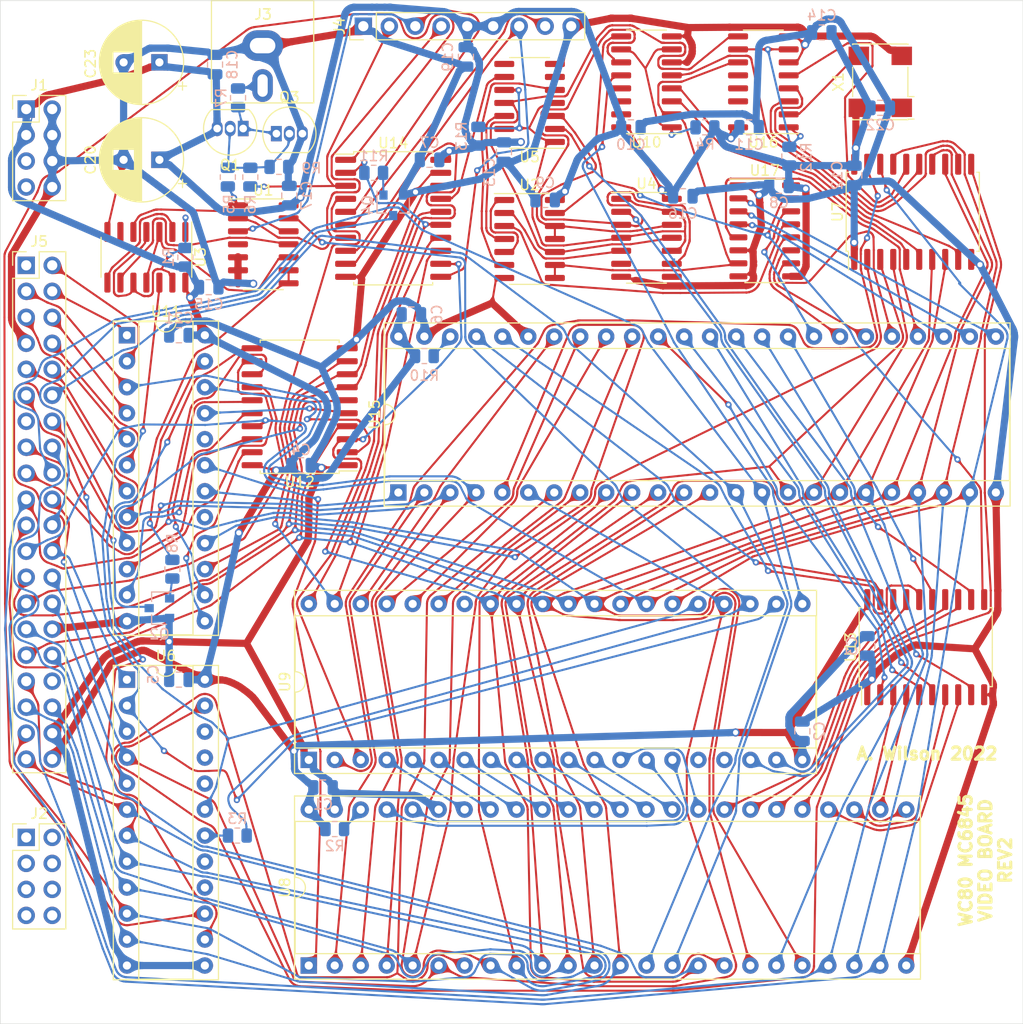
<source format=kicad_pcb>
(kicad_pcb (version 20171130) (host pcbnew "(5.1.9)-1")
  (layers (0 F.Cu signal) (31 B.Cu signal) (34 B.Paste user) (35 F.Paste user) (36 B.SilkS user) (37 F.SilkS user) (38 B.Mask user) (39 F.Mask user) (44 Edge.Cuts user))
  (net 0 "")
  (net 1 +5V)
  (net 2 GND)
  (net 3 ~F_OUT~)
  (net 4 F_D2)
  (net 5 F_D0)
  (net 6 F_D5)
  (net 7 F_D3)
  (net 8 F_D6)
  (net 9 F_D1)
  (net 10 F_D7)
  (net 11 F_D4)
  (net 12 F_A2)
  (net 13 F_A6)
  (net 14 F_A5)
  (net 15 F_A7)
  (net 16 F_A3)
  (net 17 F_A4)
  (net 18 F_A1)
  (net 19 F_A0)
  (net 20 ~F_IN~)
  (net 21 F_A9)
  (net 22 F_A8)
  (net 23 F_A11)
  (net 24 F_A10)
  (net 25 ~SYSRES~)
  (net 26 CHARCLOCK)
  (net 27 "Net-(U1-Pad11)")
  (net 28 CRTCCLOCK)
  (net 29 DOTCLOCK)
  (net 30 IMAGE)
  (net 31 VS)
  (net 32 HS)
  (net 33 LIGHTPEN)
  (net 34 "Net-(U1-Pad12)")
  (net 35 "Net-(U1-Pad10)")
  (net 36 "Net-(U2-Pad1)")
  (net 37 "Net-(U3-Pad2)")
  (net 38 PL2)
  (net 39 PL1)
  (net 40 PL0)
  (net 41 VIDSTAT)
  (net 42 DC2)
  (net 43 DC1)
  (net 44 DC0)
  (net 45 Z80CLK)
  (net 46 ~INT~)
  (net 47 ~F_RD~)
  (net 48 ~INUSE~)
  (net 49 ~F_WR~)
  (net 50 F_A14)
  (net 51 F_A15)
  (net 52 F_A12)
  (net 53 F_A13)
  (net 54 ~EXMEM~)
  (net 55 ~MEMRQ~)
  (net 56 MC6845E)
  (net 57 /~DISPEN~)
  (net 58 /CURSOR)
  (net 59 ~MC6845CS~)
  (net 60 OPTIONS2)
  (net 61 OPTIONS1)
  (net 62 ~SCMEM~)
  (net 63 ~CRMEM~)
  (net 64 OPT8)
  (net 65 74_PULL)
  (net 66 ~DOTCLOCK~)
  (net 67 "Net-(U10-Pad11)")
  (net 68 ADR2)
  (net 69 MSK0)
  (net 70 ADR0)
  (net 71 MSK1)
  (net 72 MSK2)
  (net 73 MSK3)
  (net 74 ADR1)
  (net 75 ADR3)
  (net 76 "Net-(U17-Pad13)")
  (net 77 "Net-(U16-Pad2)")
  (net 78 "Net-(U4-Pad3)")
  (net 79 /MA11)
  (net 80 /MA10)
  (net 81 /MA0)
  (net 82 /MA1)
  (net 83 /MA2)
  (net 84 /MA3)
  (net 85 /MA4)
  (net 86 /MA5)
  (net 87 /MA6)
  (net 88 /MA7)
  (net 89 /MA8)
  (net 90 /MA9)
  (net 91 /SD7)
  (net 92 /SD6)
  (net 93 /SD5)
  (net 94 /SD4)
  (net 95 /SD3)
  (net 96 /SD2)
  (net 97 /SD1)
  (net 98 /SD0)
  (net 99 /CA7)
  (net 100 /CA6)
  (net 101 /CA5)
  (net 102 /CA4)
  (net 103 /CA3)
  (net 104 /CA2)
  (net 105 /CA1)
  (net 106 /CA0)
  (net 107 /CURSU)
  (net 108 /DEU)
  (net 109 /RA0)
  (net 110 /RA1)
  (net 111 /RA2)
  (net 112 /RA3)
  (net 113 /CD7)
  (net 114 /CD6)
  (net 115 /CD5)
  (net 116 /CD4)
  (net 117 /CD3)
  (net 118 /CD2)
  (net 119 /CD1)
  (net 120 /CD0)
  (net 121 /LPBU)
  (net 122 /LPU)
  (net 123 /HSB)
  (net 124 /VSB)
  (net 125 /NIMAGE)
  (net 126 /NSYNC)
  (net 127 /IMGU)
  (net 128 /NOUT)
  (net 129 /NOU)
  (net 130 /NVDC)
  (net 131 /CRPU)
  (net 132 /IUR)
  (net 133 /IUU)
  (net 134 /SRPU)
  (net 135 /OMCS)
  (net 136 /CL74PU2)
  (net 137 /VSR)
  (net 138 /DIV1PU)
  (net 139 /DIV2PU)
  (module Package_SO:SOIC-14_3.9x8.7mm_P1.27mm (layer F.Cu) (at 83.185 43.18)
    (fp_text reference U4 (at 0 -5.28) (layer F.SilkS))
    (fp_text value 74LS74)
    (pad 14 smd roundrect (at 2.475 -3.81) (size 1.95 0.6) (layers F.Cu F.Paste F.Mask) (net 1 +5V))
    (pad 13 smd roundrect (at 2.475 -2.54) (size 1.95 0.6) (layers F.Cu F.Paste F.Mask) (net 65 74_PULL))
    (pad 12 smd roundrect (at 2.475 -1.27) (size 1.95 0.6) (layers F.Cu F.Paste F.Mask) (net 67 "Net-(U10-Pad11)"))
    (pad 11 smd roundrect (at 2.475 0) (size 1.95 0.6) (layers F.Cu F.Paste F.Mask) (net 66 ~DOTCLOCK~))
    (pad 10 smd roundrect (at 2.475 1.27) (size 1.95 0.6) (layers F.Cu F.Paste F.Mask) (net 65 74_PULL))
    (pad 9 smd roundrect (at 2.475 2.54) (size 1.95 0.6) (layers F.Cu F.Paste F.Mask) (net 78 "Net-(U4-Pad3)"))
    (pad 8 smd roundrect (at 2.475 3.81) (size 1.95 0.6) (layers F.Cu F.Paste F.Mask))
    (pad 7 smd roundrect (at -2.475 3.81) (size 1.95 0.6) (layers F.Cu F.Paste F.Mask) (net 2 GND))
    (pad 6 smd roundrect (at -2.475 2.54) (size 1.95 0.6) (layers F.Cu F.Paste F.Mask))
    (pad 5 smd roundrect (at -2.475 1.27) (size 1.95 0.6) (layers F.Cu F.Paste F.Mask) (net 58 /CURSOR))
    (pad 4 smd roundrect (at -2.475 0) (size 1.95 0.6) (layers F.Cu F.Paste F.Mask) (net 65 74_PULL))
    (pad 3 smd roundrect (at -2.475 -1.27) (size 1.95 0.6) (layers F.Cu F.Paste F.Mask) (net 78 "Net-(U4-Pad3)"))
    (pad 2 smd roundrect (at -2.475 -2.54) (size 1.95 0.6) (layers F.Cu F.Paste F.Mask) (net 107 /CURSU))
    (pad 1 smd roundrect (at -2.475 -3.81) (size 1.95 0.6) (layers F.Cu F.Paste F.Mask) (net 65 74_PULL))
  )
  (module Capacitor_SMD:C_0805_2012Metric (layer B.Cu) (at 41 26.25 90)
    (fp_text reference C18 (at 0 1.68 90) (layer B.SilkS) (effects (justify mirror)))
    (fp_text value 100n)
    (pad 2 smd roundrect (at 0.95 0 90) (size 1 1.45) (layers B.Cu B.Paste B.Mask) (net 2 GND))
    (pad 1 smd roundrect (at -0.95 0 90) (size 1 1.45) (layers B.Cu B.Paste B.Mask) (net 1 +5V))
  )
  (module Connector_PinHeader_2.54mm:PinHeader_1x09_P2.54mm_Vertical (layer F.Cu) (at 55.5 22.5 90)
    (fp_text reference J4 (at 0 -2.33 90) (layer F.SilkS))
    (fp_text value Conn_01x09_Male)
    (pad 9 thru_hole oval (at 0 20.32 90) (size 1.7 1.7) (drill 1) (layers *.Cu *.Mask) (net 2 GND))
    (pad 8 thru_hole oval (at 0 17.78 90) (size 1.7 1.7) (drill 1) (layers *.Cu *.Mask) (net 121 /LPBU))
    (pad 7 thru_hole oval (at 0 15.24 90) (size 1.7 1.7) (drill 1) (layers *.Cu *.Mask) (net 122 /LPU))
    (pad 6 thru_hole oval (at 0 12.7 90) (size 1.7 1.7) (drill 1) (layers *.Cu *.Mask) (net 1 +5V))
    (pad 5 thru_hole oval (at 0 10.16 90) (size 1.7 1.7) (drill 1) (layers *.Cu *.Mask) (net 1 +5V))
    (pad 4 thru_hole oval (at 0 7.62 90) (size 1.7 1.7) (drill 1) (layers *.Cu *.Mask) (net 123 /HSB))
    (pad 3 thru_hole oval (at 0 5.08 90) (size 1.7 1.7) (drill 1) (layers *.Cu *.Mask) (net 124 /VSB))
    (pad 2 thru_hole oval (at 0 2.54 90) (size 1.7 1.7) (drill 1) (layers *.Cu *.Mask) (net 125 /NIMAGE))
    (pad 1 thru_hole rect (at 0 0 90) (size 1.7 1.7) (drill 1) (layers *.Cu *.Mask) (net 2 GND))
  )
  (module Package_SO:SO-16_3.9x9.9mm_P1.27mm (layer F.Cu) (at 94.75 42.5)
    (fp_text reference U17 (at 0 -5.9) (layer F.SilkS))
    (fp_text value 74LS166)
    (pad 16 smd roundrect (at 2.575 -4.445) (size 1.75 0.6) (layers F.Cu F.Paste F.Mask) (net 1 +5V))
    (pad 15 smd roundrect (at 2.575 -3.175) (size 1.75 0.6) (layers F.Cu F.Paste F.Mask) (net 26 CHARCLOCK))
    (pad 14 smd roundrect (at 2.575 -1.905) (size 1.75 0.6) (layers F.Cu F.Paste F.Mask) (net 113 /CD7))
    (pad 13 smd roundrect (at 2.575 -0.635) (size 1.75 0.6) (layers F.Cu F.Paste F.Mask) (net 76 "Net-(U17-Pad13)"))
    (pad 12 smd roundrect (at 2.575 0.635) (size 1.75 0.6) (layers F.Cu F.Paste F.Mask) (net 114 /CD6))
    (pad 11 smd roundrect (at 2.575 1.905) (size 1.75 0.6) (layers F.Cu F.Paste F.Mask) (net 115 /CD5))
    (pad 10 smd roundrect (at 2.575 3.175) (size 1.75 0.6) (layers F.Cu F.Paste F.Mask) (net 116 /CD4))
    (pad 9 smd roundrect (at 2.575 4.445) (size 1.75 0.6) (layers F.Cu F.Paste F.Mask) (net 1 +5V))
    (pad 8 smd roundrect (at -2.575 4.445) (size 1.75 0.6) (layers F.Cu F.Paste F.Mask) (net 2 GND))
    (pad 7 smd roundrect (at -2.575 3.175) (size 1.75 0.6) (layers F.Cu F.Paste F.Mask) (net 29 DOTCLOCK))
    (pad 6 smd roundrect (at -2.575 1.905) (size 1.75 0.6) (layers F.Cu F.Paste F.Mask) (net 2 GND))
    (pad 5 smd roundrect (at -2.575 0.635) (size 1.75 0.6) (layers F.Cu F.Paste F.Mask) (net 117 /CD3))
    (pad 4 smd roundrect (at -2.575 -0.635) (size 1.75 0.6) (layers F.Cu F.Paste F.Mask) (net 118 /CD2))
    (pad 3 smd roundrect (at -2.575 -1.905) (size 1.75 0.6) (layers F.Cu F.Paste F.Mask) (net 119 /CD1))
    (pad 2 smd roundrect (at -2.575 -3.175) (size 1.75 0.6) (layers F.Cu F.Paste F.Mask) (net 120 /CD0))
    (pad 1 smd roundrect (at -2.575 -4.445) (size 1.75 0.6) (layers F.Cu F.Paste F.Mask) (net 2 GND))
  )
  (module Resistor_SMD:R_0805_2012Metric (layer B.Cu) (at 43.25 29.5 270)
    (fp_text reference R7 (at 0 1.65 90) (layer B.SilkS) (effects (justify mirror)))
    (fp_text value 75)
    (pad 2 smd roundrect (at 0.9125 0 270) (size 1.025 1.4) (layers B.Cu B.Paste B.Mask) (roundrect_rratio 0.243902) (net 129 /NOU))
    (pad 1 smd roundrect (at -0.9125 0 270) (size 1.025 1.4) (layers B.Cu B.Paste B.Mask) (roundrect_rratio 0.243902) (net 128 /NOUT))
  )
  (module Package_TO_SOT_THT:TO-92_Inline (layer F.Cu) (at 47 33)
    (fp_text reference Q3 (at 1.27 -3.56) (layer F.SilkS))
    (fp_text value 2N3906)
    (pad 1 thru_hole rect (at 0 0) (size 1.05 1.5) (drill 0.75) (layers *.Cu *.Mask) (net 129 /NOU))
    (pad 3 thru_hole oval (at 2.54 0) (size 1.05 1.5) (drill 0.75) (layers *.Cu *.Mask) (net 2 GND))
    (pad 2 thru_hole oval (at 1.27 0) (size 1.05 1.5) (drill 0.75) (layers *.Cu *.Mask) (net 130 /NVDC))
  )
  (module wilson-z80:AV-5 (layer F.Cu) (at 45.65 24.4 180)
    (fp_text reference J3 (at -0.05 3.05) (layer F.SilkS))
    (fp_text value Conn_Coaxial)
    (pad 2 thru_hole oval (at 0 0 180) (size 4 3) (drill oval 2.5 1.5) (layers *.Cu *.Mask) (net 2 GND))
    (pad 1 thru_hole oval (at 0 -3.9 180) (size 2 3.2) (drill oval 1 2.2) (layers *.Cu *.Mask) (net 128 /NOUT))
  )
  (module Package_SO:SOIC-20W_7.5x12.8mm_P1.27mm (layer F.Cu) (at 58.42 41.275)
    (fp_text reference U14 (at 0 -7.35) (layer F.SilkS))
    (fp_text value 74LS244)
    (pad 20 smd roundrect (at 4.65 -5.715) (size 2.05 0.6) (layers F.Cu F.Paste F.Mask) (net 1 +5V))
    (pad 19 smd roundrect (at 4.65 -4.445) (size 2.05 0.6) (layers F.Cu F.Paste F.Mask) (net 2 GND))
    (pad 18 smd roundrect (at 4.65 -3.175) (size 2.05 0.6) (layers F.Cu F.Paste F.Mask) (net 7 F_D3))
    (pad 17 smd roundrect (at 4.65 -1.905) (size 2.05 0.6) (layers F.Cu F.Paste F.Mask) (net 30 IMAGE))
    (pad 16 smd roundrect (at 4.65 -0.635) (size 2.05 0.6) (layers F.Cu F.Paste F.Mask) (net 4 F_D2))
    (pad 15 smd roundrect (at 4.65 0.635) (size 2.05 0.6) (layers F.Cu F.Paste F.Mask) (net 31 VS))
    (pad 14 smd roundrect (at 4.65 1.905) (size 2.05 0.6) (layers F.Cu F.Paste F.Mask) (net 9 F_D1))
    (pad 13 smd roundrect (at 4.65 3.175) (size 2.05 0.6) (layers F.Cu F.Paste F.Mask) (net 32 HS))
    (pad 12 smd roundrect (at 4.65 4.445) (size 2.05 0.6) (layers F.Cu F.Paste F.Mask) (net 5 F_D0))
    (pad 11 smd roundrect (at 4.65 5.715) (size 2.05 0.6) (layers F.Cu F.Paste F.Mask) (net 122 /LPU))
    (pad 10 smd roundrect (at -4.65 5.715) (size 2.05 0.6) (layers F.Cu F.Paste F.Mask) (net 2 GND))
    (pad 9 smd roundrect (at -4.65 4.445) (size 2.05 0.6) (layers F.Cu F.Paste F.Mask) (net 33 LIGHTPEN))
    (pad 8 smd roundrect (at -4.65 3.175) (size 2.05 0.6) (layers F.Cu F.Paste F.Mask) (net 122 /LPU))
    (pad 7 smd roundrect (at -4.65 1.905) (size 2.05 0.6) (layers F.Cu F.Paste F.Mask) (net 123 /HSB))
    (pad 6 smd roundrect (at -4.65 0.635) (size 2.05 0.6) (layers F.Cu F.Paste F.Mask) (net 121 /LPBU))
    (pad 5 smd roundrect (at -4.65 -0.635) (size 2.05 0.6) (layers F.Cu F.Paste F.Mask) (net 124 /VSB))
    (pad 4 smd roundrect (at -4.65 -1.905) (size 2.05 0.6) (layers F.Cu F.Paste F.Mask) (net 32 HS))
    (pad 3 smd roundrect (at -4.65 -3.175) (size 2.05 0.6) (layers F.Cu F.Paste F.Mask) (net 125 /NIMAGE))
    (pad 2 smd roundrect (at -4.65 -4.445) (size 2.05 0.6) (layers F.Cu F.Paste F.Mask) (net 31 VS))
    (pad 1 smd roundrect (at -4.65 -5.715) (size 2.05 0.6) (layers F.Cu F.Paste F.Mask) (net 41 VIDSTAT))
  )
  (module Package_SO:SOIC-20W_7.5x12.8mm_P1.27mm (layer F.Cu) (at 110.49 83.185 90)
    (fp_text reference U13 (at 0 -7.35 90) (layer F.SilkS))
    (fp_text value 74LS374)
    (pad 20 smd roundrect (at 4.65 -5.715 90) (size 2.05 0.6) (layers F.Cu F.Paste F.Mask) (net 1 +5V))
    (pad 19 smd roundrect (at 4.65 -4.445 90) (size 2.05 0.6) (layers F.Cu F.Paste F.Mask) (net 99 /CA7))
    (pad 18 smd roundrect (at 4.65 -3.175 90) (size 2.05 0.6) (layers F.Cu F.Paste F.Mask) (net 91 /SD7))
    (pad 17 smd roundrect (at 4.65 -1.905 90) (size 2.05 0.6) (layers F.Cu F.Paste F.Mask) (net 92 /SD6))
    (pad 16 smd roundrect (at 4.65 -0.635 90) (size 2.05 0.6) (layers F.Cu F.Paste F.Mask) (net 100 /CA6))
    (pad 15 smd roundrect (at 4.65 0.635 90) (size 2.05 0.6) (layers F.Cu F.Paste F.Mask) (net 101 /CA5))
    (pad 14 smd roundrect (at 4.65 1.905 90) (size 2.05 0.6) (layers F.Cu F.Paste F.Mask) (net 93 /SD5))
    (pad 13 smd roundrect (at 4.65 3.175 90) (size 2.05 0.6) (layers F.Cu F.Paste F.Mask) (net 94 /SD4))
    (pad 12 smd roundrect (at 4.65 4.445 90) (size 2.05 0.6) (layers F.Cu F.Paste F.Mask) (net 102 /CA4))
    (pad 11 smd roundrect (at 4.65 5.715 90) (size 2.05 0.6) (layers F.Cu F.Paste F.Mask) (net 26 CHARCLOCK))
    (pad 10 smd roundrect (at -4.65 5.715 90) (size 2.05 0.6) (layers F.Cu F.Paste F.Mask) (net 2 GND))
    (pad 9 smd roundrect (at -4.65 4.445 90) (size 2.05 0.6) (layers F.Cu F.Paste F.Mask) (net 103 /CA3))
    (pad 8 smd roundrect (at -4.65 3.175 90) (size 2.05 0.6) (layers F.Cu F.Paste F.Mask) (net 95 /SD3))
    (pad 7 smd roundrect (at -4.65 1.905 90) (size 2.05 0.6) (layers F.Cu F.Paste F.Mask) (net 96 /SD2))
    (pad 6 smd roundrect (at -4.65 0.635 90) (size 2.05 0.6) (layers F.Cu F.Paste F.Mask) (net 104 /CA2))
    (pad 5 smd roundrect (at -4.65 -0.635 90) (size 2.05 0.6) (layers F.Cu F.Paste F.Mask) (net 105 /CA1))
    (pad 4 smd roundrect (at -4.65 -1.905 90) (size 2.05 0.6) (layers F.Cu F.Paste F.Mask) (net 97 /SD1))
    (pad 3 smd roundrect (at -4.65 -3.175 90) (size 2.05 0.6) (layers F.Cu F.Paste F.Mask) (net 98 /SD0))
    (pad 2 smd roundrect (at -4.65 -4.445 90) (size 2.05 0.6) (layers F.Cu F.Paste F.Mask) (net 106 /CA0))
    (pad 1 smd roundrect (at -4.65 -5.715 90) (size 2.05 0.6) (layers F.Cu F.Paste F.Mask) (net 2 GND))
  )
  (module Package_SO:SOIC-20W_7.5x12.8mm_P1.27mm (layer F.Cu) (at 49.276 59.69 180)
    (fp_text reference U12 (at 0 -7.35) (layer F.SilkS))
    (fp_text value 74LS374)
    (pad 20 smd roundrect (at 4.65 -5.715 180) (size 2.05 0.6) (layers F.Cu F.Paste F.Mask) (net 1 +5V))
    (pad 19 smd roundrect (at 4.65 -4.445 180) (size 2.05 0.6) (layers F.Cu F.Paste F.Mask) (net 75 ADR3))
    (pad 18 smd roundrect (at 4.65 -3.175 180) (size 2.05 0.6) (layers F.Cu F.Paste F.Mask) (net 10 F_D7))
    (pad 17 smd roundrect (at 4.65 -1.905 180) (size 2.05 0.6) (layers F.Cu F.Paste F.Mask) (net 8 F_D6))
    (pad 16 smd roundrect (at 4.65 -0.635 180) (size 2.05 0.6) (layers F.Cu F.Paste F.Mask) (net 68 ADR2))
    (pad 15 smd roundrect (at 4.65 0.635 180) (size 2.05 0.6) (layers F.Cu F.Paste F.Mask) (net 74 ADR1))
    (pad 14 smd roundrect (at 4.65 1.905 180) (size 2.05 0.6) (layers F.Cu F.Paste F.Mask) (net 6 F_D5))
    (pad 13 smd roundrect (at 4.65 3.175 180) (size 2.05 0.6) (layers F.Cu F.Paste F.Mask) (net 11 F_D4))
    (pad 12 smd roundrect (at 4.65 4.445 180) (size 2.05 0.6) (layers F.Cu F.Paste F.Mask) (net 70 ADR0))
    (pad 11 smd roundrect (at 4.65 5.715 180) (size 2.05 0.6) (layers F.Cu F.Paste F.Mask) (net 61 OPTIONS1))
    (pad 10 smd roundrect (at -4.65 5.715 180) (size 2.05 0.6) (layers F.Cu F.Paste F.Mask) (net 2 GND))
    (pad 9 smd roundrect (at -4.65 4.445 180) (size 2.05 0.6) (layers F.Cu F.Paste F.Mask) (net 73 MSK3))
    (pad 8 smd roundrect (at -4.65 3.175 180) (size 2.05 0.6) (layers F.Cu F.Paste F.Mask) (net 7 F_D3))
    (pad 7 smd roundrect (at -4.65 1.905 180) (size 2.05 0.6) (layers F.Cu F.Paste F.Mask) (net 4 F_D2))
    (pad 6 smd roundrect (at -4.65 0.635 180) (size 2.05 0.6) (layers F.Cu F.Paste F.Mask) (net 72 MSK2))
    (pad 5 smd roundrect (at -4.65 -0.635 180) (size 2.05 0.6) (layers F.Cu F.Paste F.Mask) (net 71 MSK1))
    (pad 4 smd roundrect (at -4.65 -1.905 180) (size 2.05 0.6) (layers F.Cu F.Paste F.Mask) (net 9 F_D1))
    (pad 3 smd roundrect (at -4.65 -3.175 180) (size 2.05 0.6) (layers F.Cu F.Paste F.Mask) (net 5 F_D0))
    (pad 2 smd roundrect (at -4.65 -4.445 180) (size 2.05 0.6) (layers F.Cu F.Paste F.Mask) (net 69 MSK0))
    (pad 1 smd roundrect (at -4.65 -5.715 180) (size 2.05 0.6) (layers F.Cu F.Paste F.Mask) (net 2 GND))
  )
  (module Package_SO:SOIC-20W_7.5x12.8mm_P1.27mm (layer F.Cu) (at 109.22 40.64 90)
    (fp_text reference U7 (at 0 -7.35 90) (layer F.SilkS))
    (fp_text value 74LS374)
    (pad 20 smd roundrect (at 4.65 -5.715 90) (size 2.05 0.6) (layers F.Cu F.Paste F.Mask) (net 1 +5V))
    (pad 19 smd roundrect (at 4.65 -4.445 90) (size 2.05 0.6) (layers F.Cu F.Paste F.Mask) (net 25 ~SYSRES~))
    (pad 18 smd roundrect (at 4.65 -3.175 90) (size 2.05 0.6) (layers F.Cu F.Paste F.Mask) (net 10 F_D7))
    (pad 17 smd roundrect (at 4.65 -1.905 90) (size 2.05 0.6) (layers F.Cu F.Paste F.Mask) (net 8 F_D6))
    (pad 16 smd roundrect (at 4.65 -0.635 90) (size 2.05 0.6) (layers F.Cu F.Paste F.Mask) (net 42 DC2))
    (pad 15 smd roundrect (at 4.65 0.635 90) (size 2.05 0.6) (layers F.Cu F.Paste F.Mask) (net 43 DC1))
    (pad 14 smd roundrect (at 4.65 1.905 90) (size 2.05 0.6) (layers F.Cu F.Paste F.Mask) (net 6 F_D5))
    (pad 13 smd roundrect (at 4.65 3.175 90) (size 2.05 0.6) (layers F.Cu F.Paste F.Mask) (net 11 F_D4))
    (pad 12 smd roundrect (at 4.65 4.445 90) (size 2.05 0.6) (layers F.Cu F.Paste F.Mask) (net 44 DC0))
    (pad 11 smd roundrect (at 4.65 5.715 90) (size 2.05 0.6) (layers F.Cu F.Paste F.Mask) (net 60 OPTIONS2))
    (pad 10 smd roundrect (at -4.65 5.715 90) (size 2.05 0.6) (layers F.Cu F.Paste F.Mask) (net 2 GND))
    (pad 9 smd roundrect (at -4.65 4.445 90) (size 2.05 0.6) (layers F.Cu F.Paste F.Mask) (net 38 PL2))
    (pad 8 smd roundrect (at -4.65 3.175 90) (size 2.05 0.6) (layers F.Cu F.Paste F.Mask) (net 7 F_D3))
    (pad 7 smd roundrect (at -4.65 1.905 90) (size 2.05 0.6) (layers F.Cu F.Paste F.Mask) (net 4 F_D2))
    (pad 6 smd roundrect (at -4.65 0.635 90) (size 2.05 0.6) (layers F.Cu F.Paste F.Mask) (net 39 PL1))
    (pad 5 smd roundrect (at -4.65 -0.635 90) (size 2.05 0.6) (layers F.Cu F.Paste F.Mask) (net 40 PL0))
    (pad 4 smd roundrect (at -4.65 -1.905 90) (size 2.05 0.6) (layers F.Cu F.Paste F.Mask) (net 9 F_D1))
    (pad 3 smd roundrect (at -4.65 -3.175 90) (size 2.05 0.6) (layers F.Cu F.Paste F.Mask) (net 5 F_D0))
    (pad 2 smd roundrect (at -4.65 -4.445 90) (size 2.05 0.6) (layers F.Cu F.Paste F.Mask) (net 64 OPT8))
    (pad 1 smd roundrect (at -4.65 -5.715 90) (size 2.05 0.6) (layers F.Cu F.Paste F.Mask) (net 2 GND))
  )
  (module Package_SO:SOIC-14_3.9x8.7mm_P1.27mm (layer F.Cu) (at 71.755 30 180)
    (fp_text reference U5 (at 0 -5.28) (layer F.SilkS))
    (fp_text value 74LS74)
    (pad 14 smd roundrect (at 2.475 -3.81 180) (size 1.95 0.6) (layers F.Cu F.Paste F.Mask) (net 1 +5V))
    (pad 13 smd roundrect (at 2.475 -2.54 180) (size 1.95 0.6) (layers F.Cu F.Paste F.Mask) (net 65 74_PULL))
    (pad 12 smd roundrect (at 2.475 -1.27 180) (size 1.95 0.6) (layers F.Cu F.Paste F.Mask) (net 127 /IMGU))
    (pad 11 smd roundrect (at 2.475 0 180) (size 1.95 0.6) (layers F.Cu F.Paste F.Mask) (net 66 ~DOTCLOCK~))
    (pad 10 smd roundrect (at 2.475 1.27 180) (size 1.95 0.6) (layers F.Cu F.Paste F.Mask) (net 65 74_PULL))
    (pad 9 smd roundrect (at 2.475 2.54 180) (size 1.95 0.6) (layers F.Cu F.Paste F.Mask) (net 30 IMAGE))
    (pad 8 smd roundrect (at 2.475 3.81 180) (size 1.95 0.6) (layers F.Cu F.Paste F.Mask))
    (pad 7 smd roundrect (at -2.475 3.81 180) (size 1.95 0.6) (layers F.Cu F.Paste F.Mask) (net 2 GND))
    (pad 6 smd roundrect (at -2.475 2.54 180) (size 1.95 0.6) (layers F.Cu F.Paste F.Mask))
    (pad 5 smd roundrect (at -2.475 1.27 180) (size 1.95 0.6) (layers F.Cu F.Paste F.Mask) (net 57 /~DISPEN~))
    (pad 4 smd roundrect (at -2.475 0 180) (size 1.95 0.6) (layers F.Cu F.Paste F.Mask) (net 65 74_PULL))
    (pad 3 smd roundrect (at -2.475 -1.27 180) (size 1.95 0.6) (layers F.Cu F.Paste F.Mask) (net 78 "Net-(U4-Pad3)"))
    (pad 2 smd roundrect (at -2.475 -2.54 180) (size 1.95 0.6) (layers F.Cu F.Paste F.Mask) (net 108 /DEU))
    (pad 1 smd roundrect (at -2.475 -3.81 180) (size 1.95 0.6) (layers F.Cu F.Paste F.Mask) (net 65 74_PULL))
  )
  (module Package_SO:SOIC-14_3.9x8.7mm_P1.27mm (layer F.Cu) (at 34.29 45.085 270)
    (fp_text reference U3 (at 0 -5.28 90) (layer F.SilkS))
    (fp_text value 74LS74)
    (pad 14 smd roundrect (at 2.475 -3.81 270) (size 1.95 0.6) (layers F.Cu F.Paste F.Mask) (net 1 +5V))
    (pad 13 smd roundrect (at 2.475 -2.54 270) (size 1.95 0.6) (layers F.Cu F.Paste F.Mask) (net 136 /CL74PU2))
    (pad 12 smd roundrect (at 2.475 -1.27 270) (size 1.95 0.6) (layers F.Cu F.Paste F.Mask) (net 59 ~MC6845CS~))
    (pad 11 smd roundrect (at 2.475 0 270) (size 1.95 0.6) (layers F.Cu F.Paste F.Mask) (net 35 "Net-(U1-Pad10)"))
    (pad 10 smd roundrect (at 2.475 1.27 270) (size 1.95 0.6) (layers F.Cu F.Paste F.Mask) (net 136 /CL74PU2))
    (pad 9 smd roundrect (at 2.475 2.54 270) (size 1.95 0.6) (layers F.Cu F.Paste F.Mask) (net 27 "Net-(U1-Pad11)"))
    (pad 8 smd roundrect (at 2.475 3.81 270) (size 1.95 0.6) (layers F.Cu F.Paste F.Mask) (net 37 "Net-(U3-Pad2)"))
    (pad 7 smd roundrect (at -2.475 3.81 270) (size 1.95 0.6) (layers F.Cu F.Paste F.Mask) (net 2 GND))
    (pad 6 smd roundrect (at -2.475 2.54 270) (size 1.95 0.6) (layers F.Cu F.Paste F.Mask))
    (pad 5 smd roundrect (at -2.475 1.27 270) (size 1.95 0.6) (layers F.Cu F.Paste F.Mask) (net 34 "Net-(U1-Pad12)"))
    (pad 4 smd roundrect (at -2.475 0 270) (size 1.95 0.6) (layers F.Cu F.Paste F.Mask) (net 136 /CL74PU2))
    (pad 3 smd roundrect (at -2.475 -1.27 270) (size 1.95 0.6) (layers F.Cu F.Paste F.Mask) (net 35 "Net-(U1-Pad10)"))
    (pad 2 smd roundrect (at -2.475 -2.54 270) (size 1.95 0.6) (layers F.Cu F.Paste F.Mask) (net 37 "Net-(U3-Pad2)"))
    (pad 1 smd roundrect (at -2.475 -3.81 270) (size 1.95 0.6) (layers F.Cu F.Paste F.Mask) (net 136 /CL74PU2))
  )
  (module Package_SO:SOIC-14_3.9x8.7mm_P1.27mm (layer F.Cu) (at 71.755 43.295)
    (fp_text reference U2 (at 0 -5.28) (layer F.SilkS))
    (fp_text value 74LS02)
    (pad 14 smd roundrect (at 2.475 -3.81) (size 1.95 0.6) (layers F.Cu F.Paste F.Mask) (net 1 +5V))
    (pad 13 smd roundrect (at 2.475 -2.54) (size 1.95 0.6) (layers F.Cu F.Paste F.Mask) (net 26 CHARCLOCK))
    (pad 12 smd roundrect (at 2.475 -1.27) (size 1.95 0.6) (layers F.Cu F.Paste F.Mask) (net 67 "Net-(U10-Pad11)"))
    (pad 11 smd roundrect (at 2.475 0) (size 1.95 0.6) (layers F.Cu F.Paste F.Mask) (net 67 "Net-(U10-Pad11)"))
    (pad 10 smd roundrect (at 2.475 1.27) (size 1.95 0.6) (layers F.Cu F.Paste F.Mask) (net 66 ~DOTCLOCK~))
    (pad 9 smd roundrect (at 2.475 2.54) (size 1.95 0.6) (layers F.Cu F.Paste F.Mask) (net 29 DOTCLOCK))
    (pad 8 smd roundrect (at 2.475 3.81) (size 1.95 0.6) (layers F.Cu F.Paste F.Mask) (net 29 DOTCLOCK))
    (pad 7 smd roundrect (at -2.475 3.81) (size 1.95 0.6) (layers F.Cu F.Paste F.Mask) (net 2 GND))
    (pad 6 smd roundrect (at -2.475 2.54) (size 1.95 0.6) (layers F.Cu F.Paste F.Mask) (net 57 /~DISPEN~))
    (pad 5 smd roundrect (at -2.475 1.27) (size 1.95 0.6) (layers F.Cu F.Paste F.Mask) (net 36 "Net-(U2-Pad1)"))
    (pad 4 smd roundrect (at -2.475 0) (size 1.95 0.6) (layers F.Cu F.Paste F.Mask) (net 127 /IMGU))
    (pad 3 smd roundrect (at -2.475 -1.27) (size 1.95 0.6) (layers F.Cu F.Paste F.Mask) (net 76 "Net-(U17-Pad13)"))
    (pad 2 smd roundrect (at -2.475 -2.54) (size 1.95 0.6) (layers F.Cu F.Paste F.Mask) (net 58 /CURSOR))
    (pad 1 smd roundrect (at -2.475 -3.81) (size 1.95 0.6) (layers F.Cu F.Paste F.Mask) (net 36 "Net-(U2-Pad1)"))
  )
  (module Package_SO:SOIC-14_3.9x8.7mm_P1.27mm (layer F.Cu) (at 45.72 43.815)
    (fp_text reference U1 (at 0 -5.28) (layer F.SilkS))
    (fp_text value 74LS02)
    (pad 14 smd roundrect (at 2.475 -3.81) (size 1.95 0.6) (layers F.Cu F.Paste F.Mask) (net 1 +5V))
    (pad 13 smd roundrect (at 2.475 -2.54) (size 1.95 0.6) (layers F.Cu F.Paste F.Mask) (net 56 MC6845E))
    (pad 12 smd roundrect (at 2.475 -1.27) (size 1.95 0.6) (layers F.Cu F.Paste F.Mask) (net 34 "Net-(U1-Pad12)"))
    (pad 11 smd roundrect (at 2.475 0) (size 1.95 0.6) (layers F.Cu F.Paste F.Mask) (net 27 "Net-(U1-Pad11)"))
    (pad 10 smd roundrect (at 2.475 1.27) (size 1.95 0.6) (layers F.Cu F.Paste F.Mask) (net 35 "Net-(U1-Pad10)"))
    (pad 9 smd roundrect (at 2.475 2.54) (size 1.95 0.6) (layers F.Cu F.Paste F.Mask) (net 45 Z80CLK))
    (pad 8 smd roundrect (at 2.475 3.81) (size 1.95 0.6) (layers F.Cu F.Paste F.Mask) (net 45 Z80CLK))
    (pad 7 smd roundrect (at -2.475 3.81) (size 1.95 0.6) (layers F.Cu F.Paste F.Mask) (net 2 GND))
    (pad 6 smd roundrect (at -2.475 2.54) (size 1.95 0.6) (layers F.Cu F.Paste F.Mask) (net 2 GND))
    (pad 5 smd roundrect (at -2.475 1.27) (size 1.95 0.6) (layers F.Cu F.Paste F.Mask) (net 2 GND))
    (pad 4 smd roundrect (at -2.475 0) (size 1.95 0.6) (layers F.Cu F.Paste F.Mask))
    (pad 3 smd roundrect (at -2.475 -1.27) (size 1.95 0.6) (layers F.Cu F.Paste F.Mask) (net 124 /VSB))
    (pad 2 smd roundrect (at -2.475 -2.54) (size 1.95 0.6) (layers F.Cu F.Paste F.Mask) (net 123 /HSB))
    (pad 1 smd roundrect (at -2.475 -3.81) (size 1.95 0.6) (layers F.Cu F.Paste F.Mask) (net 126 /NSYNC))
  )
  (module Resistor_SMD:R_0805_2012Metric (layer B.Cu) (at 56.515 36.83 180)
    (fp_text reference R11 (at 0 1.65) (layer B.SilkS) (effects (justify mirror)))
    (fp_text value 100)
    (pad 2 smd roundrect (at 0.9125 0 180) (size 1.025 1.4) (layers B.Cu B.Paste B.Mask) (roundrect_rratio 0.243902) (net 31 VS))
    (pad 1 smd roundrect (at -0.9125 0 180) (size 1.025 1.4) (layers B.Cu B.Paste B.Mask) (roundrect_rratio 0.243902) (net 137 /VSR))
  )
  (module Resistor_SMD:R_0805_2012Metric (layer B.Cu) (at 36.83 75.565 90)
    (fp_text reference R8 (at 2.54 0 90) (layer B.SilkS) (effects (justify mirror)))
    (fp_text value 100)
    (pad 2 smd roundrect (at 0.9125 0 90) (size 1.025 1.4) (layers B.Cu B.Paste B.Mask) (roundrect_rratio 0.243902) (net 133 /IUU))
    (pad 1 smd roundrect (at -0.9125 0 90) (size 1.025 1.4) (layers B.Cu B.Paste B.Mask) (roundrect_rratio 0.243902) (net 132 /IUR))
  )
  (module Resistor_SMD:R_0805_2012Metric (layer B.Cu) (at 43.18 101.6 180)
    (fp_text reference R3 (at 0 1.65) (layer B.SilkS) (effects (justify mirror)))
    (fp_text value optional)
    (pad 2 smd roundrect (at 0.9125 0 180) (size 1.025 1.4) (layers B.Cu B.Paste B.Mask) (roundrect_rratio 0.243902) (net 135 /OMCS))
    (pad 1 smd roundrect (at -0.9125 0 180) (size 1.025 1.4) (layers B.Cu B.Paste B.Mask) (roundrect_rratio 0.243902) (net 56 MC6845E))
  )
  (module Package_TO_SOT_SMD:SOT-23 (layer B.Cu) (at 58.42 40.005 270)
    (fp_text reference Q4 (at 0 2.5 90) (layer B.SilkS) (effects (justify mirror)))
    (fp_text value BSS138)
    (pad 3 smd rect (at 1 0 270) (size 0.9 0.8) (layers B.Cu B.Paste B.Mask) (net 46 ~INT~))
    (pad 2 smd rect (at -1 -0.95 270) (size 0.9 0.8) (layers B.Cu B.Paste B.Mask) (net 2 GND))
    (pad 1 smd rect (at -1 0.95 270) (size 0.9 0.8) (layers B.Cu B.Paste B.Mask) (net 137 /VSR))
  )
  (module Package_TO_SOT_SMD:SOT-23 (layer B.Cu) (at 35.56 79.375 180)
    (fp_text reference Q2 (at 0 -2.54) (layer B.SilkS) (effects (justify mirror)))
    (fp_text value BSS138)
    (pad 3 smd rect (at 1 0 180) (size 0.9 0.8) (layers B.Cu B.Paste B.Mask) (net 48 ~INUSE~))
    (pad 2 smd rect (at -1 -0.95 180) (size 0.9 0.8) (layers B.Cu B.Paste B.Mask) (net 2 GND))
    (pad 1 smd rect (at -1 0.95 180) (size 0.9 0.8) (layers B.Cu B.Paste B.Mask) (net 132 /IUR))
  )
  (module Capacitor_SMD:C_0805_2012Metric (layer B.Cu) (at 48.26 39.055 90)
    (fp_text reference C17 (at 0 1.68 90) (layer B.SilkS) (effects (justify mirror)))
    (fp_text value 100n)
    (pad 2 smd roundrect (at 0.95 0 90) (size 1 1.45) (layers B.Cu B.Paste B.Mask) (net 2 GND))
    (pad 1 smd roundrect (at -0.95 0 90) (size 1 1.45) (layers B.Cu B.Paste B.Mask) (net 1 +5V))
  )
  (module Capacitor_SMD:C_0805_2012Metric (layer B.Cu) (at 86.741 39.116)
    (fp_text reference C16 (at 0 1.68) (layer B.SilkS) (effects (justify mirror)))
    (fp_text value 100n)
    (pad 2 smd roundrect (at 0.95 0) (size 1 1.45) (layers B.Cu B.Paste B.Mask) (net 2 GND))
    (pad 1 smd roundrect (at -0.95 0) (size 1 1.45) (layers B.Cu B.Paste B.Mask) (net 1 +5V))
  )
  (module Capacitor_SMD:C_0805_2012Metric (layer B.Cu) (at 40.386 48.006)
    (fp_text reference C15 (at 0 1.68) (layer B.SilkS) (effects (justify mirror)))
    (fp_text value 100n)
    (pad 2 smd roundrect (at 0.95 0) (size 1 1.45) (layers B.Cu B.Paste B.Mask) (net 2 GND))
    (pad 1 smd roundrect (at -0.95 0) (size 1 1.45) (layers B.Cu B.Paste B.Mask) (net 1 +5V))
  )
  (module Capacitor_SMD:C_0805_2012Metric (layer B.Cu) (at 100.33 23.114 180)
    (fp_text reference C14 (at 0 1.68) (layer B.SilkS) (effects (justify mirror)))
    (fp_text value 100n)
    (pad 2 smd roundrect (at 0.95 0 180) (size 1 1.45) (layers B.Cu B.Paste B.Mask) (net 2 GND))
    (pad 1 smd roundrect (at -0.95 0 180) (size 1 1.45) (layers B.Cu B.Paste B.Mask) (net 1 +5V))
  )
  (module Capacitor_SMD:C_0805_2012Metric (layer B.Cu) (at 69.25 34.8 270)
    (fp_text reference C13 (at 1.971 1.397 90) (layer B.SilkS) (effects (justify mirror)))
    (fp_text value 100n)
    (pad 2 smd roundrect (at 0.95 0 270) (size 1 1.45) (layers B.Cu B.Paste B.Mask) (net 2 GND))
    (pad 1 smd roundrect (at -0.95 0 270) (size 1 1.45) (layers B.Cu B.Paste B.Mask) (net 1 +5V))
  )
  (module Capacitor_SMD:C_0805_2012Metric (layer B.Cu) (at 103.505 37.084 270)
    (fp_text reference C12 (at 0 1.68 90) (layer B.SilkS) (effects (justify mirror)))
    (fp_text value 100n)
    (pad 2 smd roundrect (at 0.95 0 270) (size 1 1.45) (layers B.Cu B.Paste B.Mask) (net 2 GND))
    (pad 1 smd roundrect (at -0.95 0 270) (size 1 1.45) (layers B.Cu B.Paste B.Mask) (net 1 +5V))
  )
  (module Capacitor_SMD:C_0805_2012Metric (layer B.Cu) (at 93.218 32.385)
    (fp_text reference C11 (at 0 1.68) (layer B.SilkS) (effects (justify mirror)))
    (fp_text value 100n)
    (pad 2 smd roundrect (at 0.95 0) (size 1 1.45) (layers B.Cu B.Paste B.Mask) (net 2 GND))
    (pad 1 smd roundrect (at -0.95 0) (size 1 1.45) (layers B.Cu B.Paste B.Mask) (net 1 +5V))
  )
  (module Capacitor_SMD:C_0805_2012Metric (layer B.Cu) (at 81.661 32.385)
    (fp_text reference C10 (at 0 1.68) (layer B.SilkS) (effects (justify mirror)))
    (fp_text value 100n)
    (pad 2 smd roundrect (at 0.95 0) (size 1 1.45) (layers B.Cu B.Paste B.Mask) (net 2 GND))
    (pad 1 smd roundrect (at -0.95 0) (size 1 1.45) (layers B.Cu B.Paste B.Mask) (net 1 +5V))
  )
  (module Capacitor_SMD:C_0805_2012Metric (layer B.Cu) (at 73.279 39.485 180)
    (fp_text reference C9 (at 0 1.68) (layer B.SilkS) (effects (justify mirror)))
    (fp_text value 100n)
    (pad 2 smd roundrect (at 0.95 0 180) (size 1 1.45) (layers B.Cu B.Paste B.Mask) (net 2 GND))
    (pad 1 smd roundrect (at -0.95 0 180) (size 1 1.45) (layers B.Cu B.Paste B.Mask) (net 1 +5V))
  )
  (module Capacitor_SMD:C_0805_2012Metric (layer B.Cu) (at 96.139 38.1 180)
    (fp_text reference C8 (at 0 -1.651) (layer B.SilkS) (effects (justify mirror)))
    (fp_text value 100n)
    (pad 2 smd roundrect (at 0.95 0 180) (size 1 1.45) (layers B.Cu B.Paste B.Mask) (net 2 GND))
    (pad 1 smd roundrect (at -0.95 0 180) (size 1 1.45) (layers B.Cu B.Paste B.Mask) (net 1 +5V))
  )
  (module Capacitor_SMD:C_0805_2012Metric (layer B.Cu) (at 61.976 35.56 180)
    (fp_text reference C7 (at 0 1.68) (layer B.SilkS) (effects (justify mirror)))
    (fp_text value 100n)
    (pad 2 smd roundrect (at 0.95 0 180) (size 1 1.45) (layers B.Cu B.Paste B.Mask) (net 2 GND))
    (pad 1 smd roundrect (at -0.95 0 180) (size 1 1.45) (layers B.Cu B.Paste B.Mask) (net 1 +5V))
  )
  (module Package_SO:SOIC-16_3.9x9.9mm_P1.27mm (layer F.Cu) (at 83.185 27.94 180)
    (fp_text reference U10 (at 0 -5.9) (layer F.SilkS))
    (fp_text value 74LS163)
    (pad 16 smd roundrect (at 2.475 -4.445 180) (size 1.95 0.6) (layers F.Cu F.Paste F.Mask) (net 1 +5V))
    (pad 15 smd roundrect (at 2.475 -3.175 180) (size 1.95 0.6) (layers F.Cu F.Paste F.Mask))
    (pad 14 smd roundrect (at 2.475 -1.905 180) (size 1.95 0.6) (layers F.Cu F.Paste F.Mask))
    (pad 13 smd roundrect (at 2.475 -0.635 180) (size 1.95 0.6) (layers F.Cu F.Paste F.Mask))
    (pad 12 smd roundrect (at 2.475 0.635 180) (size 1.95 0.6) (layers F.Cu F.Paste F.Mask) (net 28 CRTCCLOCK))
    (pad 11 smd roundrect (at 2.475 1.905 180) (size 1.95 0.6) (layers F.Cu F.Paste F.Mask) (net 67 "Net-(U10-Pad11)"))
    (pad 10 smd roundrect (at 2.475 3.175 180) (size 1.95 0.6) (layers F.Cu F.Paste F.Mask) (net 138 /DIV1PU))
    (pad 9 smd roundrect (at 2.475 4.445 180) (size 1.95 0.6) (layers F.Cu F.Paste F.Mask) (net 26 CHARCLOCK))
    (pad 8 smd roundrect (at -2.475 4.445 180) (size 1.95 0.6) (layers F.Cu F.Paste F.Mask) (net 2 GND))
    (pad 7 smd roundrect (at -2.475 3.175 180) (size 1.95 0.6) (layers F.Cu F.Paste F.Mask) (net 138 /DIV1PU))
    (pad 6 smd roundrect (at -2.475 1.905 180) (size 1.95 0.6) (layers F.Cu F.Paste F.Mask) (net 2 GND))
    (pad 5 smd roundrect (at -2.475 0.635 180) (size 1.95 0.6) (layers F.Cu F.Paste F.Mask) (net 38 PL2))
    (pad 4 smd roundrect (at -2.475 -0.635 180) (size 1.95 0.6) (layers F.Cu F.Paste F.Mask) (net 39 PL1))
    (pad 3 smd roundrect (at -2.475 -1.905 180) (size 1.95 0.6) (layers F.Cu F.Paste F.Mask) (net 40 PL0))
    (pad 2 smd roundrect (at -2.475 -3.175 180) (size 1.95 0.6) (layers F.Cu F.Paste F.Mask) (net 29 DOTCLOCK))
    (pad 1 smd roundrect (at -2.475 -4.445 180) (size 1.95 0.6) (layers F.Cu F.Paste F.Mask) (net 138 /DIV1PU))
  )
  (module Package_SO:SOIC-16_3.9x9.9mm_P1.27mm (layer F.Cu) (at 94.615 27.94 180)
    (fp_text reference U16 (at 0 -5.9) (layer F.SilkS))
    (fp_text value 74LS163)
    (pad 16 smd roundrect (at 2.475 -4.445 180) (size 1.95 0.6) (layers F.Cu F.Paste F.Mask) (net 1 +5V))
    (pad 15 smd roundrect (at 2.475 -3.175 180) (size 1.95 0.6) (layers F.Cu F.Paste F.Mask))
    (pad 14 smd roundrect (at 2.475 -1.905 180) (size 1.95 0.6) (layers F.Cu F.Paste F.Mask))
    (pad 13 smd roundrect (at 2.475 -0.635 180) (size 1.95 0.6) (layers F.Cu F.Paste F.Mask))
    (pad 12 smd roundrect (at 2.475 0.635 180) (size 1.95 0.6) (layers F.Cu F.Paste F.Mask))
    (pad 11 smd roundrect (at 2.475 1.905 180) (size 1.95 0.6) (layers F.Cu F.Paste F.Mask) (net 29 DOTCLOCK))
    (pad 10 smd roundrect (at 2.475 3.175 180) (size 1.95 0.6) (layers F.Cu F.Paste F.Mask) (net 139 /DIV2PU))
    (pad 9 smd roundrect (at 2.475 4.445 180) (size 1.95 0.6) (layers F.Cu F.Paste F.Mask) (net 66 ~DOTCLOCK~))
    (pad 8 smd roundrect (at -2.475 4.445 180) (size 1.95 0.6) (layers F.Cu F.Paste F.Mask) (net 2 GND))
    (pad 7 smd roundrect (at -2.475 3.175 180) (size 1.95 0.6) (layers F.Cu F.Paste F.Mask) (net 139 /DIV2PU))
    (pad 6 smd roundrect (at -2.475 1.905 180) (size 1.95 0.6) (layers F.Cu F.Paste F.Mask) (net 2 GND))
    (pad 5 smd roundrect (at -2.475 0.635 180) (size 1.95 0.6) (layers F.Cu F.Paste F.Mask) (net 42 DC2))
    (pad 4 smd roundrect (at -2.475 -0.635 180) (size 1.95 0.6) (layers F.Cu F.Paste F.Mask) (net 43 DC1))
    (pad 3 smd roundrect (at -2.475 -1.905 180) (size 1.95 0.6) (layers F.Cu F.Paste F.Mask) (net 44 DC0))
    (pad 2 smd roundrect (at -2.475 -3.175 180) (size 1.95 0.6) (layers F.Cu F.Paste F.Mask) (net 77 "Net-(U16-Pad2)"))
    (pad 1 smd roundrect (at -2.475 -4.445 180) (size 1.95 0.6) (layers F.Cu F.Paste F.Mask) (net 139 /DIV2PU))
  )
  (module Oscillator:Oscillator_SMD_SeikoEpson_SG8002CA-4Pin_7.0x5.0mm (layer F.Cu) (at 106.045 27.94 90)
    (fp_text reference X1 (at 0 -4.1 -90) (layer F.SilkS))
    (fp_text value SG-7050CAN)
    (pad 4 smd rect (at -2.54 -2.1 90) (size 1.8 2) (layers F.Cu F.Paste F.Mask) (net 1 +5V))
    (pad 3 smd rect (at 2.54 -2.1 90) (size 1.8 2) (layers F.Cu F.Paste F.Mask) (net 77 "Net-(U16-Pad2)"))
    (pad 2 smd rect (at 2.54 2.1 90) (size 1.8 2) (layers F.Cu F.Paste F.Mask) (net 2 GND))
    (pad 1 smd rect (at -2.54 2.1 90) (size 1.8 2) (layers F.Cu F.Paste F.Mask) (net 1 +5V))
  )
  (module Resistor_SMD:R_0805_2012Metric (layer B.Cu) (at 97.155 35.2025 270)
    (fp_text reference R12 (at 0.1035 -1.651 90) (layer B.SilkS) (effects (justify mirror)))
    (fp_text value 10K)
    (pad 2 smd roundrect (at 0.9125 0 270) (size 1.025 1.4) (layers B.Cu B.Paste B.Mask) (roundrect_rratio 0.243902) (net 1 +5V))
    (pad 1 smd roundrect (at -0.9125 0 270) (size 1.025 1.4) (layers B.Cu B.Paste B.Mask) (roundrect_rratio 0.243902) (net 139 /DIV2PU))
  )
  (module Resistor_SMD:R_0805_2012Metric (layer B.Cu) (at 47.25 36.25 180)
    (fp_text reference R9 (at -3.175 -0.127) (layer B.SilkS) (effects (justify mirror)))
    (fp_text value 510)
    (pad 2 smd roundrect (at 0.9125 0 180) (size 1.025 1.4) (layers B.Cu B.Paste B.Mask) (roundrect_rratio 0.243902) (net 130 /NVDC))
    (pad 1 smd roundrect (at -0.9125 0 180) (size 1.025 1.4) (layers B.Cu B.Paste B.Mask) (roundrect_rratio 0.243902) (net 2 GND))
  )
  (module Resistor_SMD:R_0805_2012Metric (layer B.Cu) (at 44.45 37.25 270)
    (fp_text reference R6 (at 2.667 0 90) (layer B.SilkS) (effects (justify mirror)))
    (fp_text value 750)
    (pad 2 smd roundrect (at 0.9125 0 270) (size 1.025 1.4) (layers B.Cu B.Paste B.Mask) (roundrect_rratio 0.243902) (net 125 /NIMAGE))
    (pad 1 smd roundrect (at -0.9125 0 270) (size 1.025 1.4) (layers B.Cu B.Paste B.Mask) (roundrect_rratio 0.243902) (net 130 /NVDC))
  )
  (module Resistor_SMD:R_0805_2012Metric (layer B.Cu) (at 42.25 37.25 270)
    (fp_text reference R5 (at 2.6435 -0.127 90) (layer B.SilkS) (effects (justify mirror)))
    (fp_text value 910)
    (pad 2 smd roundrect (at 0.9125 0 270) (size 1.025 1.4) (layers B.Cu B.Paste B.Mask) (roundrect_rratio 0.243902) (net 126 /NSYNC))
    (pad 1 smd roundrect (at -0.9125 0 270) (size 1.025 1.4) (layers B.Cu B.Paste B.Mask) (roundrect_rratio 0.243902) (net 130 /NVDC))
  )
  (module Package_TO_SOT_THT:TO-92_Inline (layer F.Cu) (at 43.75 32.5 180)
    (fp_text reference Q1 (at 1.27 -3.56) (layer F.SilkS))
    (fp_text value 2N3904)
    (pad 1 thru_hole rect (at 0 0 180) (size 1.05 1.5) (drill 0.75) (layers *.Cu *.Mask) (net 129 /NOU))
    (pad 3 thru_hole oval (at 2.54 0 180) (size 1.05 1.5) (drill 0.75) (layers *.Cu *.Mask) (net 1 +5V))
    (pad 2 thru_hole oval (at 1.27 0 180) (size 1.05 1.5) (drill 0.75) (layers *.Cu *.Mask) (net 130 /NVDC))
  )
  (module Resistor_SMD:R_0805_2012Metric (layer B.Cu) (at 38.1 45.085 270)
    (fp_text reference R1 (at 0 1.65 90) (layer B.SilkS) (effects (justify mirror)))
    (fp_text value 10K)
    (pad 2 smd roundrect (at 0.9125 0 270) (size 1.025 1.4) (layers B.Cu B.Paste B.Mask) (roundrect_rratio 0.243902) (net 1 +5V))
    (pad 1 smd roundrect (at -0.9125 0 270) (size 1.025 1.4) (layers B.Cu B.Paste B.Mask) (roundrect_rratio 0.243902) (net 136 /CL74PU2))
  )
  (module Package_DIP:DIP-24_W7.62mm_Socket (layer F.Cu) (at 32.385 52.705)
    (fp_text reference U11 (at 3.81 -2.33) (layer F.SilkS))
    (fp_text value ATF22V10C)
    (pad 24 thru_hole oval (at 7.62 0) (size 1.6 1.6) (drill 0.8) (layers *.Cu *.Mask) (net 1 +5V))
    (pad 12 thru_hole oval (at 0 27.94) (size 1.6 1.6) (drill 0.8) (layers *.Cu *.Mask) (net 2 GND))
    (pad 23 thru_hole oval (at 7.62 2.54) (size 1.6 1.6) (drill 0.8) (layers *.Cu *.Mask) (net 133 /IUU))
    (pad 11 thru_hole oval (at 0 25.4) (size 1.6 1.6) (drill 0.8) (layers *.Cu *.Mask) (net 68 ADR2))
    (pad 22 thru_hole oval (at 7.62 5.08) (size 1.6 1.6) (drill 0.8) (layers *.Cu *.Mask) (net 69 MSK0))
    (pad 10 thru_hole oval (at 0 22.86) (size 1.6 1.6) (drill 0.8) (layers *.Cu *.Mask) (net 70 ADR0))
    (pad 21 thru_hole oval (at 7.62 7.62) (size 1.6 1.6) (drill 0.8) (layers *.Cu *.Mask) (net 71 MSK1))
    (pad 9 thru_hole oval (at 0 20.32) (size 1.6 1.6) (drill 0.8) (layers *.Cu *.Mask) (net 72 MSK2))
    (pad 20 thru_hole oval (at 7.62 10.16) (size 1.6 1.6) (drill 0.8) (layers *.Cu *.Mask))
    (pad 8 thru_hole oval (at 0 17.78) (size 1.6 1.6) (drill 0.8) (layers *.Cu *.Mask) (net 23 F_A11))
    (pad 19 thru_hole oval (at 7.62 12.7) (size 1.6 1.6) (drill 0.8) (layers *.Cu *.Mask) (net 62 ~SCMEM~))
    (pad 7 thru_hole oval (at 0 15.24) (size 1.6 1.6) (drill 0.8) (layers *.Cu *.Mask) (net 50 F_A14))
    (pad 18 thru_hole oval (at 7.62 15.24) (size 1.6 1.6) (drill 0.8) (layers *.Cu *.Mask) (net 63 ~CRMEM~))
    (pad 6 thru_hole oval (at 0 12.7) (size 1.6 1.6) (drill 0.8) (layers *.Cu *.Mask) (net 51 F_A15))
    (pad 17 thru_hole oval (at 7.62 17.78) (size 1.6 1.6) (drill 0.8) (layers *.Cu *.Mask))
    (pad 5 thru_hole oval (at 0 10.16) (size 1.6 1.6) (drill 0.8) (layers *.Cu *.Mask) (net 53 F_A13))
    (pad 16 thru_hole oval (at 7.62 20.32) (size 1.6 1.6) (drill 0.8) (layers *.Cu *.Mask) (net 64 OPT8))
    (pad 4 thru_hole oval (at 0 7.62) (size 1.6 1.6) (drill 0.8) (layers *.Cu *.Mask) (net 52 F_A12))
    (pad 15 thru_hole oval (at 7.62 22.86) (size 1.6 1.6) (drill 0.8) (layers *.Cu *.Mask) (net 73 MSK3))
    (pad 3 thru_hole oval (at 0 5.08) (size 1.6 1.6) (drill 0.8) (layers *.Cu *.Mask) (net 24 F_A10))
    (pad 14 thru_hole oval (at 7.62 25.4) (size 1.6 1.6) (drill 0.8) (layers *.Cu *.Mask) (net 74 ADR1))
    (pad 2 thru_hole oval (at 0 2.54) (size 1.6 1.6) (drill 0.8) (layers *.Cu *.Mask) (net 55 ~MEMRQ~))
    (pad 13 thru_hole oval (at 7.62 27.94) (size 1.6 1.6) (drill 0.8) (layers *.Cu *.Mask) (net 75 ADR3))
    (pad 1 thru_hole rect (at 0 0) (size 1.6 1.6) (drill 0.8) (layers *.Cu *.Mask) (net 54 ~EXMEM~))
  )
  (module Package_DIP:DIP-48_W15.24mm_Socket (layer F.Cu) (at 58.928 68.072 90)
    (fp_text reference U15 (at 7.62 -2.33 90) (layer F.SilkS))
    (fp_text value CHARROM)
    (pad 48 thru_hole oval (at 15.24 0 90) (size 1.6 1.6) (drill 0.8) (layers *.Cu *.Mask) (net 1 +5V))
    (pad 24 thru_hole oval (at 0 58.42 90) (size 1.6 1.6) (drill 0.8) (layers *.Cu *.Mask) (net 2 GND))
    (pad 47 thru_hole oval (at 15.24 2.54 90) (size 1.6 1.6) (drill 0.8) (layers *.Cu *.Mask) (net 2 GND))
    (pad 23 thru_hole oval (at 0 55.88 90) (size 1.6 1.6) (drill 0.8) (layers *.Cu *.Mask) (net 10 F_D7))
    (pad 46 thru_hole oval (at 15.24 5.08 90) (size 1.6 1.6) (drill 0.8) (layers *.Cu *.Mask) (net 131 /CRPU))
    (pad 22 thru_hole oval (at 0 53.34 90) (size 1.6 1.6) (drill 0.8) (layers *.Cu *.Mask) (net 8 F_D6))
    (pad 45 thru_hole oval (at 15.24 7.62 90) (size 1.6 1.6) (drill 0.8) (layers *.Cu *.Mask) (net 99 /CA7))
    (pad 21 thru_hole oval (at 0 50.8 90) (size 1.6 1.6) (drill 0.8) (layers *.Cu *.Mask) (net 6 F_D5))
    (pad 44 thru_hole oval (at 15.24 10.16 90) (size 1.6 1.6) (drill 0.8) (layers *.Cu *.Mask) (net 100 /CA6))
    (pad 20 thru_hole oval (at 0 48.26 90) (size 1.6 1.6) (drill 0.8) (layers *.Cu *.Mask) (net 11 F_D4))
    (pad 43 thru_hole oval (at 15.24 12.7 90) (size 1.6 1.6) (drill 0.8) (layers *.Cu *.Mask) (net 2 GND))
    (pad 19 thru_hole oval (at 0 45.72 90) (size 1.6 1.6) (drill 0.8) (layers *.Cu *.Mask) (net 7 F_D3))
    (pad 42 thru_hole oval (at 15.24 15.24 90) (size 1.6 1.6) (drill 0.8) (layers *.Cu *.Mask) (net 109 /RA0))
    (pad 18 thru_hole oval (at 0 43.18 90) (size 1.6 1.6) (drill 0.8) (layers *.Cu *.Mask) (net 4 F_D2))
    (pad 41 thru_hole oval (at 15.24 17.78 90) (size 1.6 1.6) (drill 0.8) (layers *.Cu *.Mask) (net 110 /RA1))
    (pad 17 thru_hole oval (at 0 40.64 90) (size 1.6 1.6) (drill 0.8) (layers *.Cu *.Mask) (net 9 F_D1))
    (pad 40 thru_hole oval (at 15.24 20.32 90) (size 1.6 1.6) (drill 0.8) (layers *.Cu *.Mask) (net 111 /RA2))
    (pad 16 thru_hole oval (at 0 38.1 90) (size 1.6 1.6) (drill 0.8) (layers *.Cu *.Mask) (net 5 F_D0))
    (pad 39 thru_hole oval (at 15.24 22.86 90) (size 1.6 1.6) (drill 0.8) (layers *.Cu *.Mask) (net 112 /RA3))
    (pad 15 thru_hole oval (at 0 35.56 90) (size 1.6 1.6) (drill 0.8) (layers *.Cu *.Mask) (net 21 F_A9))
    (pad 38 thru_hole oval (at 15.24 25.4 90) (size 1.6 1.6) (drill 0.8) (layers *.Cu *.Mask) (net 106 /CA0))
    (pad 14 thru_hole oval (at 0 33.02 90) (size 1.6 1.6) (drill 0.8) (layers *.Cu *.Mask) (net 22 F_A8))
    (pad 37 thru_hole oval (at 15.24 27.94 90) (size 1.6 1.6) (drill 0.8) (layers *.Cu *.Mask) (net 105 /CA1))
    (pad 13 thru_hole oval (at 0 30.48 90) (size 1.6 1.6) (drill 0.8) (layers *.Cu *.Mask) (net 15 F_A7))
    (pad 36 thru_hole oval (at 15.24 30.48 90) (size 1.6 1.6) (drill 0.8) (layers *.Cu *.Mask) (net 104 /CA2))
    (pad 12 thru_hole oval (at 0 27.94 90) (size 1.6 1.6) (drill 0.8) (layers *.Cu *.Mask) (net 13 F_A6))
    (pad 35 thru_hole oval (at 15.24 33.02 90) (size 1.6 1.6) (drill 0.8) (layers *.Cu *.Mask) (net 103 /CA3))
    (pad 11 thru_hole oval (at 0 25.4 90) (size 1.6 1.6) (drill 0.8) (layers *.Cu *.Mask) (net 14 F_A5))
    (pad 34 thru_hole oval (at 15.24 35.56 90) (size 1.6 1.6) (drill 0.8) (layers *.Cu *.Mask) (net 102 /CA4))
    (pad 10 thru_hole oval (at 0 22.86 90) (size 1.6 1.6) (drill 0.8) (layers *.Cu *.Mask) (net 17 F_A4))
    (pad 33 thru_hole oval (at 15.24 38.1 90) (size 1.6 1.6) (drill 0.8) (layers *.Cu *.Mask) (net 101 /CA5))
    (pad 9 thru_hole oval (at 0 20.32 90) (size 1.6 1.6) (drill 0.8) (layers *.Cu *.Mask) (net 16 F_A3))
    (pad 32 thru_hole oval (at 15.24 40.64 90) (size 1.6 1.6) (drill 0.8) (layers *.Cu *.Mask) (net 113 /CD7))
    (pad 8 thru_hole oval (at 0 17.78 90) (size 1.6 1.6) (drill 0.8) (layers *.Cu *.Mask) (net 12 F_A2))
    (pad 31 thru_hole oval (at 15.24 43.18 90) (size 1.6 1.6) (drill 0.8) (layers *.Cu *.Mask) (net 114 /CD6))
    (pad 7 thru_hole oval (at 0 15.24 90) (size 1.6 1.6) (drill 0.8) (layers *.Cu *.Mask) (net 18 F_A1))
    (pad 30 thru_hole oval (at 15.24 45.72 90) (size 1.6 1.6) (drill 0.8) (layers *.Cu *.Mask) (net 115 /CD5))
    (pad 6 thru_hole oval (at 0 12.7 90) (size 1.6 1.6) (drill 0.8) (layers *.Cu *.Mask) (net 19 F_A0))
    (pad 29 thru_hole oval (at 15.24 48.26 90) (size 1.6 1.6) (drill 0.8) (layers *.Cu *.Mask) (net 116 /CD4))
    (pad 5 thru_hole oval (at 0 10.16 90) (size 1.6 1.6) (drill 0.8) (layers *.Cu *.Mask) (net 47 ~F_RD~))
    (pad 28 thru_hole oval (at 15.24 50.8 90) (size 1.6 1.6) (drill 0.8) (layers *.Cu *.Mask) (net 117 /CD3))
    (pad 4 thru_hole oval (at 0 7.62 90) (size 1.6 1.6) (drill 0.8) (layers *.Cu *.Mask) (net 24 F_A10))
    (pad 27 thru_hole oval (at 15.24 53.34 90) (size 1.6 1.6) (drill 0.8) (layers *.Cu *.Mask) (net 118 /CD2))
    (pad 3 thru_hole oval (at 0 5.08 90) (size 1.6 1.6) (drill 0.8) (layers *.Cu *.Mask) (net 23 F_A11))
    (pad 26 thru_hole oval (at 15.24 55.88 90) (size 1.6 1.6) (drill 0.8) (layers *.Cu *.Mask) (net 119 /CD1))
    (pad 2 thru_hole oval (at 0 2.54 90) (size 1.6 1.6) (drill 0.8) (layers *.Cu *.Mask) (net 49 ~F_WR~))
    (pad 25 thru_hole oval (at 15.24 58.42 90) (size 1.6 1.6) (drill 0.8) (layers *.Cu *.Mask) (net 120 /CD0))
    (pad 1 thru_hole rect (at 0 0 90) (size 1.6 1.6) (drill 0.8) (layers *.Cu *.Mask) (net 63 ~CRMEM~))
  )
  (module Package_DIP:DIP-40_W15.24mm_Socket (layer F.Cu) (at 50.165 94.2007 90)
    (fp_text reference U9 (at 7.62 -2.33 90) (layer F.SilkS))
    (fp_text value MC68B45)
    (pad 40 thru_hole oval (at 15.24 0 90) (size 1.6 1.6) (drill 0.8) (layers *.Cu *.Mask) (net 31 VS))
    (pad 20 thru_hole oval (at 0 48.26 90) (size 1.6 1.6) (drill 0.8) (layers *.Cu *.Mask) (net 1 +5V))
    (pad 39 thru_hole oval (at 15.24 2.54 90) (size 1.6 1.6) (drill 0.8) (layers *.Cu *.Mask) (net 32 HS))
    (pad 19 thru_hole oval (at 0 45.72 90) (size 1.6 1.6) (drill 0.8) (layers *.Cu *.Mask) (net 107 /CURSU))
    (pad 38 thru_hole oval (at 15.24 5.08 90) (size 1.6 1.6) (drill 0.8) (layers *.Cu *.Mask) (net 109 /RA0))
    (pad 18 thru_hole oval (at 0 43.18 90) (size 1.6 1.6) (drill 0.8) (layers *.Cu *.Mask) (net 108 /DEU))
    (pad 37 thru_hole oval (at 15.24 7.62 90) (size 1.6 1.6) (drill 0.8) (layers *.Cu *.Mask) (net 110 /RA1))
    (pad 17 thru_hole oval (at 0 40.64 90) (size 1.6 1.6) (drill 0.8) (layers *.Cu *.Mask))
    (pad 36 thru_hole oval (at 15.24 10.16 90) (size 1.6 1.6) (drill 0.8) (layers *.Cu *.Mask) (net 111 /RA2))
    (pad 16 thru_hole oval (at 0 38.1 90) (size 1.6 1.6) (drill 0.8) (layers *.Cu *.Mask))
    (pad 35 thru_hole oval (at 15.24 12.7 90) (size 1.6 1.6) (drill 0.8) (layers *.Cu *.Mask) (net 112 /RA3))
    (pad 15 thru_hole oval (at 0 35.56 90) (size 1.6 1.6) (drill 0.8) (layers *.Cu *.Mask) (net 79 /MA11))
    (pad 34 thru_hole oval (at 15.24 15.24 90) (size 1.6 1.6) (drill 0.8) (layers *.Cu *.Mask))
    (pad 14 thru_hole oval (at 0 33.02 90) (size 1.6 1.6) (drill 0.8) (layers *.Cu *.Mask) (net 80 /MA10))
    (pad 33 thru_hole oval (at 15.24 17.78 90) (size 1.6 1.6) (drill 0.8) (layers *.Cu *.Mask) (net 5 F_D0))
    (pad 13 thru_hole oval (at 0 30.48 90) (size 1.6 1.6) (drill 0.8) (layers *.Cu *.Mask) (net 90 /MA9))
    (pad 32 thru_hole oval (at 15.24 20.32 90) (size 1.6 1.6) (drill 0.8) (layers *.Cu *.Mask) (net 9 F_D1))
    (pad 12 thru_hole oval (at 0 27.94 90) (size 1.6 1.6) (drill 0.8) (layers *.Cu *.Mask) (net 89 /MA8))
    (pad 31 thru_hole oval (at 15.24 22.86 90) (size 1.6 1.6) (drill 0.8) (layers *.Cu *.Mask) (net 4 F_D2))
    (pad 11 thru_hole oval (at 0 25.4 90) (size 1.6 1.6) (drill 0.8) (layers *.Cu *.Mask) (net 88 /MA7))
    (pad 30 thru_hole oval (at 15.24 25.4 90) (size 1.6 1.6) (drill 0.8) (layers *.Cu *.Mask) (net 7 F_D3))
    (pad 10 thru_hole oval (at 0 22.86 90) (size 1.6 1.6) (drill 0.8) (layers *.Cu *.Mask) (net 87 /MA6))
    (pad 29 thru_hole oval (at 15.24 27.94 90) (size 1.6 1.6) (drill 0.8) (layers *.Cu *.Mask) (net 11 F_D4))
    (pad 9 thru_hole oval (at 0 20.32 90) (size 1.6 1.6) (drill 0.8) (layers *.Cu *.Mask) (net 86 /MA5))
    (pad 28 thru_hole oval (at 15.24 30.48 90) (size 1.6 1.6) (drill 0.8) (layers *.Cu *.Mask) (net 6 F_D5))
    (pad 8 thru_hole oval (at 0 17.78 90) (size 1.6 1.6) (drill 0.8) (layers *.Cu *.Mask) (net 85 /MA4))
    (pad 27 thru_hole oval (at 15.24 33.02 90) (size 1.6 1.6) (drill 0.8) (layers *.Cu *.Mask) (net 8 F_D6))
    (pad 7 thru_hole oval (at 0 15.24 90) (size 1.6 1.6) (drill 0.8) (layers *.Cu *.Mask) (net 84 /MA3))
    (pad 26 thru_hole oval (at 15.24 35.56 90) (size 1.6 1.6) (drill 0.8) (layers *.Cu *.Mask) (net 10 F_D7))
    (pad 6 thru_hole oval (at 0 12.7 90) (size 1.6 1.6) (drill 0.8) (layers *.Cu *.Mask) (net 83 /MA2))
    (pad 25 thru_hole oval (at 15.24 38.1 90) (size 1.6 1.6) (drill 0.8) (layers *.Cu *.Mask) (net 59 ~MC6845CS~))
    (pad 5 thru_hole oval (at 0 10.16 90) (size 1.6 1.6) (drill 0.8) (layers *.Cu *.Mask) (net 82 /MA1))
    (pad 24 thru_hole oval (at 15.24 40.64 90) (size 1.6 1.6) (drill 0.8) (layers *.Cu *.Mask) (net 19 F_A0))
    (pad 4 thru_hole oval (at 0 7.62 90) (size 1.6 1.6) (drill 0.8) (layers *.Cu *.Mask) (net 81 /MA0))
    (pad 23 thru_hole oval (at 15.24 43.18 90) (size 1.6 1.6) (drill 0.8) (layers *.Cu *.Mask) (net 56 MC6845E))
    (pad 3 thru_hole oval (at 0 5.08 90) (size 1.6 1.6) (drill 0.8) (layers *.Cu *.Mask) (net 33 LIGHTPEN))
    (pad 22 thru_hole oval (at 15.24 45.72 90) (size 1.6 1.6) (drill 0.8) (layers *.Cu *.Mask) (net 3 ~F_OUT~))
    (pad 2 thru_hole oval (at 0 2.54 90) (size 1.6 1.6) (drill 0.8) (layers *.Cu *.Mask) (net 25 ~SYSRES~))
    (pad 21 thru_hole oval (at 15.24 48.26 90) (size 1.6 1.6) (drill 0.8) (layers *.Cu *.Mask) (net 28 CRTCCLOCK))
    (pad 1 thru_hole rect (at 0 0 90) (size 1.6 1.6) (drill 0.8) (layers *.Cu *.Mask) (net 2 GND))
  )
  (module Package_DIP:DIP-48_W15.24mm_Socket (layer F.Cu) (at 50.165 114.3 90)
    (fp_text reference U8 (at 7.62 -2.33 90) (layer F.SilkS))
    (fp_text value SCREENMEM)
    (pad 48 thru_hole oval (at 15.24 0 90) (size 1.6 1.6) (drill 0.8) (layers *.Cu *.Mask) (net 1 +5V))
    (pad 24 thru_hole oval (at 0 58.42 90) (size 1.6 1.6) (drill 0.8) (layers *.Cu *.Mask) (net 2 GND))
    (pad 47 thru_hole oval (at 15.24 2.54 90) (size 1.6 1.6) (drill 0.8) (layers *.Cu *.Mask) (net 2 GND))
    (pad 23 thru_hole oval (at 0 55.88 90) (size 1.6 1.6) (drill 0.8) (layers *.Cu *.Mask) (net 10 F_D7))
    (pad 46 thru_hole oval (at 15.24 5.08 90) (size 1.6 1.6) (drill 0.8) (layers *.Cu *.Mask) (net 134 /SRPU))
    (pad 22 thru_hole oval (at 0 53.34 90) (size 1.6 1.6) (drill 0.8) (layers *.Cu *.Mask) (net 8 F_D6))
    (pad 45 thru_hole oval (at 15.24 7.62 90) (size 1.6 1.6) (drill 0.8) (layers *.Cu *.Mask) (net 79 /MA11))
    (pad 21 thru_hole oval (at 0 50.8 90) (size 1.6 1.6) (drill 0.8) (layers *.Cu *.Mask) (net 6 F_D5))
    (pad 44 thru_hole oval (at 15.24 10.16 90) (size 1.6 1.6) (drill 0.8) (layers *.Cu *.Mask) (net 80 /MA10))
    (pad 20 thru_hole oval (at 0 48.26 90) (size 1.6 1.6) (drill 0.8) (layers *.Cu *.Mask) (net 11 F_D4))
    (pad 43 thru_hole oval (at 15.24 12.7 90) (size 1.6 1.6) (drill 0.8) (layers *.Cu *.Mask) (net 2 GND))
    (pad 19 thru_hole oval (at 0 45.72 90) (size 1.6 1.6) (drill 0.8) (layers *.Cu *.Mask) (net 7 F_D3))
    (pad 42 thru_hole oval (at 15.24 15.24 90) (size 1.6 1.6) (drill 0.8) (layers *.Cu *.Mask) (net 81 /MA0))
    (pad 18 thru_hole oval (at 0 43.18 90) (size 1.6 1.6) (drill 0.8) (layers *.Cu *.Mask) (net 4 F_D2))
    (pad 41 thru_hole oval (at 15.24 17.78 90) (size 1.6 1.6) (drill 0.8) (layers *.Cu *.Mask) (net 82 /MA1))
    (pad 17 thru_hole oval (at 0 40.64 90) (size 1.6 1.6) (drill 0.8) (layers *.Cu *.Mask) (net 9 F_D1))
    (pad 40 thru_hole oval (at 15.24 20.32 90) (size 1.6 1.6) (drill 0.8) (layers *.Cu *.Mask) (net 83 /MA2))
    (pad 16 thru_hole oval (at 0 38.1 90) (size 1.6 1.6) (drill 0.8) (layers *.Cu *.Mask) (net 5 F_D0))
    (pad 39 thru_hole oval (at 15.24 22.86 90) (size 1.6 1.6) (drill 0.8) (layers *.Cu *.Mask) (net 84 /MA3))
    (pad 15 thru_hole oval (at 0 35.56 90) (size 1.6 1.6) (drill 0.8) (layers *.Cu *.Mask) (net 21 F_A9))
    (pad 38 thru_hole oval (at 15.24 25.4 90) (size 1.6 1.6) (drill 0.8) (layers *.Cu *.Mask) (net 85 /MA4))
    (pad 14 thru_hole oval (at 0 33.02 90) (size 1.6 1.6) (drill 0.8) (layers *.Cu *.Mask) (net 22 F_A8))
    (pad 37 thru_hole oval (at 15.24 27.94 90) (size 1.6 1.6) (drill 0.8) (layers *.Cu *.Mask) (net 86 /MA5))
    (pad 13 thru_hole oval (at 0 30.48 90) (size 1.6 1.6) (drill 0.8) (layers *.Cu *.Mask) (net 15 F_A7))
    (pad 36 thru_hole oval (at 15.24 30.48 90) (size 1.6 1.6) (drill 0.8) (layers *.Cu *.Mask) (net 87 /MA6))
    (pad 12 thru_hole oval (at 0 27.94 90) (size 1.6 1.6) (drill 0.8) (layers *.Cu *.Mask) (net 13 F_A6))
    (pad 35 thru_hole oval (at 15.24 33.02 90) (size 1.6 1.6) (drill 0.8) (layers *.Cu *.Mask) (net 88 /MA7))
    (pad 11 thru_hole oval (at 0 25.4 90) (size 1.6 1.6) (drill 0.8) (layers *.Cu *.Mask) (net 14 F_A5))
    (pad 34 thru_hole oval (at 15.24 35.56 90) (size 1.6 1.6) (drill 0.8) (layers *.Cu *.Mask) (net 89 /MA8))
    (pad 10 thru_hole oval (at 0 22.86 90) (size 1.6 1.6) (drill 0.8) (layers *.Cu *.Mask) (net 17 F_A4))
    (pad 33 thru_hole oval (at 15.24 38.1 90) (size 1.6 1.6) (drill 0.8) (layers *.Cu *.Mask) (net 90 /MA9))
    (pad 9 thru_hole oval (at 0 20.32 90) (size 1.6 1.6) (drill 0.8) (layers *.Cu *.Mask) (net 16 F_A3))
    (pad 32 thru_hole oval (at 15.24 40.64 90) (size 1.6 1.6) (drill 0.8) (layers *.Cu *.Mask) (net 91 /SD7))
    (pad 8 thru_hole oval (at 0 17.78 90) (size 1.6 1.6) (drill 0.8) (layers *.Cu *.Mask) (net 12 F_A2))
    (pad 31 thru_hole oval (at 15.24 43.18 90) (size 1.6 1.6) (drill 0.8) (layers *.Cu *.Mask) (net 92 /SD6))
    (pad 7 thru_hole oval (at 0 15.24 90) (size 1.6 1.6) (drill 0.8) (layers *.Cu *.Mask) (net 18 F_A1))
    (pad 30 thru_hole oval (at 15.24 45.72 90) (size 1.6 1.6) (drill 0.8) (layers *.Cu *.Mask) (net 93 /SD5))
    (pad 6 thru_hole oval (at 0 12.7 90) (size 1.6 1.6) (drill 0.8) (layers *.Cu *.Mask) (net 19 F_A0))
    (pad 29 thru_hole oval (at 15.24 48.26 90) (size 1.6 1.6) (drill 0.8) (layers *.Cu *.Mask) (net 94 /SD4))
    (pad 5 thru_hole oval (at 0 10.16 90) (size 1.6 1.6) (drill 0.8) (layers *.Cu *.Mask) (net 47 ~F_RD~))
    (pad 28 thru_hole oval (at 15.24 50.8 90) (size 1.6 1.6) (drill 0.8) (layers *.Cu *.Mask) (net 95 /SD3))
    (pad 4 thru_hole oval (at 0 7.62 90) (size 1.6 1.6) (drill 0.8) (layers *.Cu *.Mask) (net 24 F_A10))
    (pad 27 thru_hole oval (at 15.24 53.34 90) (size 1.6 1.6) (drill 0.8) (layers *.Cu *.Mask) (net 96 /SD2))
    (pad 3 thru_hole oval (at 0 5.08 90) (size 1.6 1.6) (drill 0.8) (layers *.Cu *.Mask) (net 23 F_A11))
    (pad 26 thru_hole oval (at 15.24 55.88 90) (size 1.6 1.6) (drill 0.8) (layers *.Cu *.Mask) (net 97 /SD1))
    (pad 2 thru_hole oval (at 0 2.54 90) (size 1.6 1.6) (drill 0.8) (layers *.Cu *.Mask) (net 49 ~F_WR~))
    (pad 25 thru_hole oval (at 15.24 58.42 90) (size 1.6 1.6) (drill 0.8) (layers *.Cu *.Mask) (net 98 /SD0))
    (pad 1 thru_hole rect (at 0 0 90) (size 1.6 1.6) (drill 0.8) (layers *.Cu *.Mask) (net 62 ~SCMEM~))
  )
  (module Resistor_SMD:R_0805_2012Metric (layer B.Cu) (at 66.75 33.25 270)
    (fp_text reference R13 (at 0 1.65 90) (layer B.SilkS) (effects (justify mirror)))
    (fp_text value 10K)
    (pad 2 smd roundrect (at 0.9125 0 270) (size 1.025 1.4) (layers B.Cu B.Paste B.Mask) (roundrect_rratio 0.243902) (net 1 +5V))
    (pad 1 smd roundrect (at -0.9125 0 270) (size 1.025 1.4) (layers B.Cu B.Paste B.Mask) (roundrect_rratio 0.243902) (net 65 74_PULL))
  )
  (module Resistor_SMD:R_0805_2012Metric (layer B.Cu) (at 61.468 54.737 180)
    (fp_text reference R10 (at 0 -1.905) (layer B.SilkS) (effects (justify mirror)))
    (fp_text value 10K)
    (pad 2 smd roundrect (at 0.9125 0 180) (size 1.025 1.4) (layers B.Cu B.Paste B.Mask) (roundrect_rratio 0.243902) (net 1 +5V))
    (pad 1 smd roundrect (at -0.9125 0 180) (size 1.025 1.4) (layers B.Cu B.Paste B.Mask) (roundrect_rratio 0.243902) (net 131 /CRPU))
  )
  (module Resistor_SMD:R_0805_2012Metric (layer B.Cu) (at 88.9 32.385)
    (fp_text reference R4 (at 0 1.65) (layer B.SilkS) (effects (justify mirror)))
    (fp_text value 10K)
    (pad 2 smd roundrect (at 0.9125 0) (size 1.025 1.4) (layers B.Cu B.Paste B.Mask) (roundrect_rratio 0.243902) (net 1 +5V))
    (pad 1 smd roundrect (at -0.9125 0) (size 1.025 1.4) (layers B.Cu B.Paste B.Mask) (roundrect_rratio 0.243902) (net 138 /DIV1PU))
  )
  (module Resistor_SMD:R_0805_2012Metric (layer B.Cu) (at 52.705 100.965)
    (fp_text reference R2 (at 0 1.65) (layer B.SilkS) (effects (justify mirror)))
    (fp_text value 10K)
    (pad 2 smd roundrect (at 0.9125 0) (size 1.025 1.4) (layers B.Cu B.Paste B.Mask) (roundrect_rratio 0.243902) (net 134 /SRPU))
    (pad 1 smd roundrect (at -0.9125 0) (size 1.025 1.4) (layers B.Cu B.Paste B.Mask) (roundrect_rratio 0.243902) (net 1 +5V))
  )
  (module Capacitor_SMD:C_0805_2012Metric (layer B.Cu) (at 106.045 30.48)
    (fp_text reference C22 (at 0 1.68) (layer B.SilkS) (effects (justify mirror)))
    (fp_text value 100n)
    (pad 2 smd roundrect (at 0.95 0) (size 1 1.45) (layers B.Cu B.Paste B.Mask) (net 2 GND))
    (pad 1 smd roundrect (at -0.95 0) (size 1 1.45) (layers B.Cu B.Paste B.Mask) (net 1 +5V))
  )
  (module Capacitor_SMD:C_0805_2012Metric (layer B.Cu) (at 37.465 52.705 180)
    (fp_text reference C21 (at 0 1.68 180) (layer B.SilkS) (effects (justify mirror)))
    (fp_text value 100n)
    (pad 2 smd roundrect (at 0.95 0 180) (size 1 1.45) (layers B.Cu B.Paste B.Mask) (net 2 GND))
    (pad 1 smd roundrect (at -0.95 0 180) (size 1 1.45) (layers B.Cu B.Paste B.Mask) (net 1 +5V))
  )
  (module Capacitor_SMD:C_0805_2012Metric (layer B.Cu) (at 65.532 25.5 270)
    (fp_text reference C19 (at 0 1.778 90) (layer B.SilkS) (effects (justify mirror)))
    (fp_text value 100n)
    (pad 2 smd roundrect (at 0.95 0 270) (size 1 1.45) (layers B.Cu B.Paste B.Mask) (net 2 GND))
    (pad 1 smd roundrect (at -0.95 0 270) (size 1 1.45) (layers B.Cu B.Paste B.Mask) (net 1 +5V))
  )
  (module Capacitor_SMD:C_0805_2012Metric (layer B.Cu) (at 60.198 50.673)
    (fp_text reference C6 (at 2.5 0 -270) (layer B.SilkS) (effects (justify mirror)))
    (fp_text value 100n)
    (pad 2 smd roundrect (at 0.95 0) (size 1 1.45) (layers B.Cu B.Paste B.Mask) (net 2 GND))
    (pad 1 smd roundrect (at -0.95 0) (size 1 1.45) (layers B.Cu B.Paste B.Mask) (net 1 +5V))
  )
  (module Capacitor_SMD:C_0805_2012Metric (layer B.Cu) (at 37.465 86.36 180)
    (fp_text reference C5 (at 2.5 0.5 90) (layer B.SilkS) (effects (justify mirror)))
    (fp_text value 100n)
    (pad 2 smd roundrect (at 0.95 0 180) (size 1 1.45) (layers B.Cu B.Paste B.Mask) (net 2 GND))
    (pad 1 smd roundrect (at -0.95 0 180) (size 1 1.45) (layers B.Cu B.Paste B.Mask) (net 1 +5V))
  )
  (module Capacitor_SMD:C_0805_2012Metric (layer B.Cu) (at 49.403 65.405)
    (fp_text reference C4 (at 0 -1.5) (layer B.SilkS) (effects (justify mirror)))
    (fp_text value 100n)
    (pad 2 smd roundrect (at 0.95 0) (size 1 1.45) (layers B.Cu B.Paste B.Mask) (net 2 GND))
    (pad 1 smd roundrect (at -0.95 0) (size 1 1.45) (layers B.Cu B.Paste B.Mask) (net 1 +5V))
  )
  (module Capacitor_SMD:C_0805_2012Metric (layer B.Cu) (at 104.775 83.058 270)
    (fp_text reference C3 (at 0 1.5 270) (layer B.SilkS) (effects (justify mirror)))
    (fp_text value 100n)
    (pad 2 smd roundrect (at 0.95 0 270) (size 1 1.45) (layers B.Cu B.Paste B.Mask) (net 2 GND))
    (pad 1 smd roundrect (at -0.95 0 270) (size 1 1.45) (layers B.Cu B.Paste B.Mask) (net 1 +5V))
  )
  (module Capacitor_SMD:C_0805_2012Metric (layer B.Cu) (at 98.425 91.4067 90)
    (fp_text reference C2 (at 0 1.68 90) (layer B.SilkS) (effects (justify mirror)))
    (fp_text value 100n)
    (pad 2 smd roundrect (at 0.95 0 90) (size 1 1.45) (layers B.Cu B.Paste B.Mask) (net 2 GND))
    (pad 1 smd roundrect (at -0.95 0 90) (size 1 1.45) (layers B.Cu B.Paste B.Mask) (net 1 +5V))
  )
  (module Capacitor_SMD:C_0805_2012Metric (layer B.Cu) (at 51.562 96.901)
    (fp_text reference C1 (at 0 1.651) (layer B.SilkS) (effects (justify mirror)))
    (fp_text value 100n)
    (pad 2 smd roundrect (at 0.95 0) (size 1 1.45) (layers B.Cu B.Paste B.Mask) (net 2 GND))
    (pad 1 smd roundrect (at -0.95 0) (size 1 1.45) (layers B.Cu B.Paste B.Mask) (net 1 +5V))
  )
  (module Package_DIP:DIP-24_W7.62mm_Socket (layer F.Cu) (at 32.385 86.36)
    (fp_text reference U6 (at 3.81 -2.33) (layer F.SilkS))
    (fp_text value ATF22V10C)
    (pad 24 thru_hole oval (at 7.62 0) (size 1.6 1.6) (drill 0.8) (layers *.Cu *.Mask) (net 1 +5V))
    (pad 12 thru_hole oval (at 0 27.94) (size 1.6 1.6) (drill 0.8) (layers *.Cu *.Mask) (net 2 GND))
    (pad 23 thru_hole oval (at 7.62 2.54) (size 1.6 1.6) (drill 0.8) (layers *.Cu *.Mask) (net 60 OPTIONS2))
    (pad 11 thru_hole oval (at 0 25.4) (size 1.6 1.6) (drill 0.8) (layers *.Cu *.Mask) (net 15 F_A7))
    (pad 22 thru_hole oval (at 7.62 5.08) (size 1.6 1.6) (drill 0.8) (layers *.Cu *.Mask))
    (pad 10 thru_hole oval (at 0 22.86) (size 1.6 1.6) (drill 0.8) (layers *.Cu *.Mask) (net 13 F_A6))
    (pad 21 thru_hole oval (at 7.62 7.62) (size 1.6 1.6) (drill 0.8) (layers *.Cu *.Mask))
    (pad 9 thru_hole oval (at 0 20.32) (size 1.6 1.6) (drill 0.8) (layers *.Cu *.Mask) (net 14 F_A5))
    (pad 20 thru_hole oval (at 7.62 10.16) (size 1.6 1.6) (drill 0.8) (layers *.Cu *.Mask))
    (pad 8 thru_hole oval (at 0 17.78) (size 1.6 1.6) (drill 0.8) (layers *.Cu *.Mask) (net 17 F_A4))
    (pad 19 thru_hole oval (at 7.62 12.7) (size 1.6 1.6) (drill 0.8) (layers *.Cu *.Mask) (net 59 ~MC6845CS~))
    (pad 7 thru_hole oval (at 0 15.24) (size 1.6 1.6) (drill 0.8) (layers *.Cu *.Mask) (net 16 F_A3))
    (pad 18 thru_hole oval (at 7.62 15.24) (size 1.6 1.6) (drill 0.8) (layers *.Cu *.Mask) (net 135 /OMCS))
    (pad 6 thru_hole oval (at 0 12.7) (size 1.6 1.6) (drill 0.8) (layers *.Cu *.Mask) (net 12 F_A2))
    (pad 17 thru_hole oval (at 7.62 17.78) (size 1.6 1.6) (drill 0.8) (layers *.Cu *.Mask))
    (pad 5 thru_hole oval (at 0 10.16) (size 1.6 1.6) (drill 0.8) (layers *.Cu *.Mask) (net 18 F_A1))
    (pad 16 thru_hole oval (at 7.62 20.32) (size 1.6 1.6) (drill 0.8) (layers *.Cu *.Mask))
    (pad 4 thru_hole oval (at 0 7.62) (size 1.6 1.6) (drill 0.8) (layers *.Cu *.Mask) (net 19 F_A0))
    (pad 15 thru_hole oval (at 7.62 22.86) (size 1.6 1.6) (drill 0.8) (layers *.Cu *.Mask) (net 41 VIDSTAT))
    (pad 3 thru_hole oval (at 0 5.08) (size 1.6 1.6) (drill 0.8) (layers *.Cu *.Mask) (net 20 ~F_IN~))
    (pad 14 thru_hole oval (at 7.62 25.4) (size 1.6 1.6) (drill 0.8) (layers *.Cu *.Mask) (net 61 OPTIONS1))
    (pad 2 thru_hole oval (at 0 2.54) (size 1.6 1.6) (drill 0.8) (layers *.Cu *.Mask) (net 3 ~F_OUT~))
    (pad 13 thru_hole oval (at 7.62 27.94) (size 1.6 1.6) (drill 0.8) (layers *.Cu *.Mask) (net 2 GND))
    (pad 1 thru_hole rect (at 0 0) (size 1.6 1.6) (drill 0.8) (layers *.Cu *.Mask) (net 45 Z80CLK))
  )
  (module MountingHole:MountingHole_3.2mm_M3_DIN965 (layer F.Cu) (at 23.5 116.5)
    (fp_text reference M4 hide)
    (fp_text value 3mm-mounting-hole hide)
    (pad 1 np_thru_hole circle (at 0 0) (size 3.2 3.2) (drill 3.2) (layers *.Cu *.Mask))
  )
  (module MountingHole:MountingHole_3.2mm_M3_DIN965 (layer F.Cu) (at 23.5 23.5)
    (fp_text reference M3 hide)
    (fp_text value 3mm-mounting-hole hide)
    (pad 1 np_thru_hole circle (at 0 0) (size 3.2 3.2) (drill 3.2) (layers *.Cu *.Mask))
  )
  (module MountingHole:MountingHole_3.2mm_M3_DIN965 (layer F.Cu) (at 116.5 116.5)
    (fp_text reference M2 hide)
    (fp_text value 3mm-mounting-hole hide)
    (pad 1 np_thru_hole circle (at 0 0) (size 3.2 3.2) (drill 3.2) (layers *.Cu *.Mask))
  )
  (module MountingHole:MountingHole_3.2mm_M3_DIN965 (layer F.Cu) (at 116.5 23.5)
    (fp_text reference M1 hide)
    (fp_text value 3mm-mounting-hole hide)
    (pad 1 np_thru_hole circle (at 0 0) (size 3.2 3.2) (drill 3.2) (layers *.Cu *.Mask))
  )
  (module Capacitor_THT:CP_Radial_D8.0mm_P3.50mm (layer F.Cu) (at 35.56 35.56 180)
    (fp_text reference C20 (at 6.732 0 90) (layer F.SilkS))
    (fp_text value 470uF)
    (pad 2 thru_hole circle (at 3.5 0 180) (size 1.6 1.6) (drill 0.8) (layers *.Cu *.Mask) (net 2 GND))
    (pad 1 thru_hole rect (at 0 0 180) (size 1.6 1.6) (drill 0.8) (layers *.Cu *.Mask) (net 1 +5V))
  )
  (module Capacitor_THT:CP_Radial_D8.0mm_P3.50mm (layer F.Cu) (at 35.56 26.035 180)
    (fp_text reference C23 (at 6.732 -0.127 90) (layer F.SilkS))
    (fp_text value 470uF)
    (pad 2 thru_hole circle (at 3.5 0 180) (size 1.6 1.6) (drill 0.8) (layers *.Cu *.Mask) (net 2 GND))
    (pad 1 thru_hole rect (at 0 0 180) (size 1.6 1.6) (drill 0.8) (layers *.Cu *.Mask) (net 1 +5V))
  )
  (module Connector_PinHeader_2.54mm:PinHeader_2x04_P2.54mm_Vertical (layer F.Cu) (at 22.54 30.6)
    (fp_text reference J1 (at 1.27 -2.33) (layer F.SilkS))
    (fp_text value Conn_02x04_Odd_Even)
    (pad 1 thru_hole rect (at 0 0) (size 1.7 1.7) (drill 1) (layers *.Cu *.Mask) (net 1 +5V))
    (pad 2 thru_hole oval (at 2.54 0) (size 1.7 1.7) (drill 1) (layers *.Cu *.Mask) (net 2 GND))
    (pad 3 thru_hole oval (at 0 2.54) (size 1.7 1.7) (drill 1) (layers *.Cu *.Mask) (net 1 +5V))
    (pad 4 thru_hole oval (at 2.54 2.54) (size 1.7 1.7) (drill 1) (layers *.Cu *.Mask) (net 2 GND))
    (pad 5 thru_hole oval (at 0 5.08) (size 1.7 1.7) (drill 1) (layers *.Cu *.Mask))
    (pad 6 thru_hole oval (at 2.54 5.08) (size 1.7 1.7) (drill 1) (layers *.Cu *.Mask) (net 2 GND))
    (pad 7 thru_hole oval (at 0 7.62) (size 1.7 1.7) (drill 1) (layers *.Cu *.Mask))
    (pad 8 thru_hole oval (at 2.54 7.62) (size 1.7 1.7) (drill 1) (layers *.Cu *.Mask) (net 2 GND))
  )
  (module Connector_PinHeader_2.54mm:PinHeader_2x04_P2.54mm_Vertical (layer F.Cu) (at 22.54 101.78)
    (fp_text reference J2 (at 1.27 -2.33) (layer F.SilkS))
    (fp_text value Conn_02x04_Odd_Even)
    (pad 8 thru_hole oval (at 2.54 7.62) (size 1.7 1.7) (drill 1) (layers *.Cu *.Mask))
    (pad 7 thru_hole oval (at 0 7.62) (size 1.7 1.7) (drill 1) (layers *.Cu *.Mask))
    (pad 6 thru_hole oval (at 2.54 5.08) (size 1.7 1.7) (drill 1) (layers *.Cu *.Mask))
    (pad 5 thru_hole oval (at 0 5.08) (size 1.7 1.7) (drill 1) (layers *.Cu *.Mask))
    (pad 4 thru_hole oval (at 2.54 2.54) (size 1.7 1.7) (drill 1) (layers *.Cu *.Mask))
    (pad 3 thru_hole oval (at 0 2.54) (size 1.7 1.7) (drill 1) (layers *.Cu *.Mask))
    (pad 2 thru_hole oval (at 2.54 0) (size 1.7 1.7) (drill 1) (layers *.Cu *.Mask))
    (pad 1 thru_hole rect (at 0 0) (size 1.7 1.7) (drill 1) (layers *.Cu *.Mask))
  )
  (module Connector_PinHeader_2.54mm:PinHeader_2x20_P2.54mm_Vertical (layer F.Cu) (at 22.54 45.87)
    (fp_text reference J5 (at 1.27 -2.33) (layer F.SilkS))
    (fp_text value TRS80W-header)
    (pad 40 thru_hole oval (at 2.54 48.26) (size 1.7 1.7) (drill 1) (layers *.Cu *.Mask) (net 1 +5V))
    (pad 39 thru_hole oval (at 0 48.26) (size 1.7 1.7) (drill 1) (layers *.Cu *.Mask) (net 12 F_A2))
    (pad 38 thru_hole oval (at 2.54 45.72) (size 1.7 1.7) (drill 1) (layers *.Cu *.Mask) (net 2 GND))
    (pad 37 thru_hole oval (at 0 45.72) (size 1.7 1.7) (drill 1) (layers *.Cu *.Mask) (net 13 F_A6))
    (pad 36 thru_hole oval (at 2.54 43.18) (size 1.7 1.7) (drill 1) (layers *.Cu *.Mask) (net 14 F_A5))
    (pad 35 thru_hole oval (at 0 43.18) (size 1.7 1.7) (drill 1) (layers *.Cu *.Mask) (net 15 F_A7))
    (pad 34 thru_hole oval (at 2.54 40.64) (size 1.7 1.7) (drill 1) (layers *.Cu *.Mask))
    (pad 33 thru_hole oval (at 0 40.64) (size 1.7 1.7) (drill 1) (layers *.Cu *.Mask) (net 16 F_A3))
    (pad 32 thru_hole oval (at 2.54 38.1) (size 1.7 1.7) (drill 1) (layers *.Cu *.Mask) (net 17 F_A4))
    (pad 31 thru_hole oval (at 0 38.1) (size 1.7 1.7) (drill 1) (layers *.Cu *.Mask) (net 4 F_D2))
    (pad 30 thru_hole oval (at 2.54 35.56) (size 1.7 1.7) (drill 1) (layers *.Cu *.Mask) (net 2 GND))
    (pad 29 thru_hole oval (at 0 35.56) (size 1.7 1.7) (drill 1) (layers *.Cu *.Mask) (net 5 F_D0))
    (pad 28 thru_hole oval (at 2.54 33.02) (size 1.7 1.7) (drill 1) (layers *.Cu *.Mask) (net 18 F_A1))
    (pad 27 thru_hole oval (at 0 33.02) (size 1.7 1.7) (drill 1) (layers *.Cu *.Mask) (net 6 F_D5))
    (pad 26 thru_hole oval (at 2.54 30.48) (size 1.7 1.7) (drill 1) (layers *.Cu *.Mask) (net 19 F_A0))
    (pad 25 thru_hole oval (at 0 30.48) (size 1.7 1.7) (drill 1) (layers *.Cu *.Mask) (net 7 F_D3))
    (pad 24 thru_hole oval (at 2.54 27.94) (size 1.7 1.7) (drill 1) (layers *.Cu *.Mask) (net 45 Z80CLK))
    (pad 23 thru_hole oval (at 0 27.94) (size 1.7 1.7) (drill 1) (layers *.Cu *.Mask) (net 8 F_D6))
    (pad 22 thru_hole oval (at 2.54 25.4) (size 1.7 1.7) (drill 1) (layers *.Cu *.Mask) (net 46 ~INT~))
    (pad 21 thru_hole oval (at 0 25.4) (size 1.7 1.7) (drill 1) (layers *.Cu *.Mask) (net 9 F_D1))
    (pad 20 thru_hole oval (at 2.54 22.86) (size 1.7 1.7) (drill 1) (layers *.Cu *.Mask) (net 20 ~F_IN~))
    (pad 19 thru_hole oval (at 0 22.86) (size 1.7 1.7) (drill 1) (layers *.Cu *.Mask) (net 10 F_D7))
    (pad 18 thru_hole oval (at 2.54 20.32) (size 1.7 1.7) (drill 1) (layers *.Cu *.Mask) (net 21 F_A9))
    (pad 17 thru_hole oval (at 0 20.32) (size 1.7 1.7) (drill 1) (layers *.Cu *.Mask) (net 11 F_D4))
    (pad 16 thru_hole oval (at 2.54 17.78) (size 1.7 1.7) (drill 1) (layers *.Cu *.Mask) (net 47 ~F_RD~))
    (pad 15 thru_hole oval (at 0 17.78) (size 1.7 1.7) (drill 1) (layers *.Cu *.Mask) (net 48 ~INUSE~))
    (pad 14 thru_hole oval (at 2.54 15.24) (size 1.7 1.7) (drill 1) (layers *.Cu *.Mask) (net 49 ~F_WR~))
    (pad 13 thru_hole oval (at 0 15.24) (size 1.7 1.7) (drill 1) (layers *.Cu *.Mask))
    (pad 12 thru_hole oval (at 2.54 12.7) (size 1.7 1.7) (drill 1) (layers *.Cu *.Mask) (net 22 F_A8))
    (pad 11 thru_hole oval (at 0 12.7) (size 1.7 1.7) (drill 1) (layers *.Cu *.Mask) (net 3 ~F_OUT~))
    (pad 10 thru_hole oval (at 2.54 10.16) (size 1.7 1.7) (drill 1) (layers *.Cu *.Mask) (net 23 F_A11))
    (pad 9 thru_hole oval (at 0 10.16) (size 1.7 1.7) (drill 1) (layers *.Cu *.Mask) (net 50 F_A14))
    (pad 8 thru_hole oval (at 2.54 7.62) (size 1.7 1.7) (drill 1) (layers *.Cu *.Mask) (net 51 F_A15))
    (pad 7 thru_hole oval (at 0 7.62) (size 1.7 1.7) (drill 1) (layers *.Cu *.Mask) (net 2 GND))
    (pad 6 thru_hole oval (at 2.54 5.08) (size 1.7 1.7) (drill 1) (layers *.Cu *.Mask) (net 52 F_A12))
    (pad 5 thru_hole oval (at 0 5.08) (size 1.7 1.7) (drill 1) (layers *.Cu *.Mask) (net 53 F_A13))
    (pad 4 thru_hole oval (at 2.54 2.54) (size 1.7 1.7) (drill 1) (layers *.Cu *.Mask) (net 54 ~EXMEM~))
    (pad 3 thru_hole oval (at 0 2.54) (size 1.7 1.7) (drill 1) (layers *.Cu *.Mask) (net 24 F_A10))
    (pad 2 thru_hole oval (at 2.54 0) (size 1.7 1.7) (drill 1) (layers *.Cu *.Mask) (net 55 ~MEMRQ~))
    (pad 1 thru_hole rect (at 0 0) (size 1.7 1.7) (drill 1) (layers *.Cu *.Mask))
  )
  (gr_text "A. Wilson 2022" (at 110.617 93.599) (layer F.SilkS) (effects (font (size 1.2 1.2) (thickness 0.3))))
  (gr_text "WC80 MC6845\nVIDEO BOARD\nREV2" (at 116.332 104.013 90) (layer F.SilkS) (effects (font (size 1.2 1.2) (thickness 0.3))))
  (gr_line (start 20 120) (end 20 20) (layer Edge.Cuts) (width 0.05))
  (gr_line (start 120 120) (end 20 120) (layer Edge.Cuts) (width 0.05))
  (gr_line (start 120 20) (end 120 120) (layer Edge.Cuts) (width 0.05))
  (gr_line (start 20 20) (end 120 20) (layer Edge.Cuts) (width 0.05))
  (segment (start 104.5189 79.516) (end 104.0915 79.6384) (width 0.2) (layer F.Cu) (net 1))
  (segment (start 104.5189 79.516) (end 104.4013 79.9448) (width 0.2) (layer F.Cu) (net 1))
  (segment (start 44.626 65.405) (end 45.6459 65.5938) (width 0.2) (layer F.Cu) (net 1))
  (segment (start 45.6459 65.5938) (end 46.9792 65.9115) (width 0.2) (layer F.Cu) (net 1))
  (segment (start 69.28 33.81) (end 70.1556 33.8177) (width 0.2) (layer F.Cu) (net 1))
  (segment (start 70.1556 33.8177) (end 70.2556 33.8177) (width 0.2) (layer F.Cu) (net 1))
  (segment (start 70.2556 33.8177) (end 70.8956 33.8177) (width 0.2) (layer F.Cu) (net 1))
  (segment (start 91.8948 91.5239) (end 96.9486 91.5301) (width 0.7) (layer F.Cu) (net 1))
  (segment (start 98.425 94.2007) (end 96.9486 91.5301) (width 0.7) (layer F.Cu) (net 1))
  (segment (start 103.6608 34.4043) (end 103.6608 31.38) (width 0.7) (layer F.Cu) (net 1))
  (segment (start 103.6608 31.38) (end 103.6608 31.03) (width 0.7) (layer F.Cu) (net 1))
  (segment (start 103.6608 31.03) (end 103.945 30.48) (width 0.7) (layer F.Cu) (net 1))
  (segment (start 40.005 52.705) (end 38.5766 49.016) (width 0.7) (layer F.Cu) (net 1))
  (segment (start 108.145 30.48) (end 107.495 30.48) (width 0.7) (layer F.Cu) (net 1))
  (segment (start 107.495 30.48) (end 107.145 30.48) (width 0.7) (layer F.Cu) (net 1))
  (segment (start 107.145 30.48) (end 104.945 30.48) (width 0.7) (layer F.Cu) (net 1))
  (segment (start 104.945 30.48) (end 104.595 30.48) (width 0.7) (layer F.Cu) (net 1))
  (segment (start 104.595 30.48) (end 103.945 30.48) (width 0.7) (layer F.Cu) (net 1))
  (segment (start 85.66 39.37) (end 84.7962 39.0751) (width 0.2) (layer F.Cu) (net 1))
  (segment (start 84.7962 39.0751) (end 84.6813 38.5263) (width 0.2) (layer F.Cu) (net 1))
  (segment (start 49.3491 39.2253) (end 49.0834 39.719) (width 0.2) (layer F.Cu) (net 1))
  (segment (start 49.0834 39.719) (end 48.195 40.005) (width 0.2) (layer F.Cu) (net 1))
  (segment (start 97.325 38.055) (end 98.1949 38.2438) (width 0.2) (layer F.Cu) (net 1))
  (segment (start 98.1949 38.2438) (end 98.7509 38.3837) (width 0.2) (layer F.Cu) (net 1))
  (segment (start 103.505 35.99) (end 103.668 34.9655) (width 0.2) (layer F.Cu) (net 1))
  (segment (start 103.668 34.9655) (end 103.668 34.9644) (width 0.2) (layer F.Cu) (net 1))
  (segment (start 103.668 34.9644) (end 103.668 34.9642) (width 0.2) (layer F.Cu) (net 1))
  (segment (start 103.668 34.9642) (end 103.6608 34.4043) (width 0.2) (layer F.Cu) (net 1))
  (segment (start 104.775 78.535) (end 104.5189 79.516) (width 0.2) (layer F.Cu) (net 1))
  (segment (start 104.5189 79.516) (end 104.1602 79.8787) (width 0.2) (layer F.Cu) (net 1))
  (segment (start 84.6813 38.5263) (end 81.5749 32.6826) (width 0.2) (layer F.Cu) (net 1))
  (segment (start 81.5749 32.6826) (end 81.5742 32.6809) (width 0.2) (layer F.Cu) (net 1))
  (segment (start 81.5742 32.6809) (end 81.5738 32.6799) (width 0.2) (layer F.Cu) (net 1))
  (segment (start 81.5738 32.6799) (end 80.71 32.385) (width 0.2) (layer F.Cu) (net 1))
  (segment (start 104.1602 79.8787) (end 96.9486 91.5301) (width 0.7) (layer F.Cu) (net 1))
  (segment (start 74.23 39.485) (end 75.0938 39.1901) (width 0.2) (layer F.Cu) (net 1))
  (segment (start 75.0938 39.1901) (end 75.1999 38.6393) (width 0.2) (layer F.Cu) (net 1))
  (segment (start 63.07 35.56) (end 63.958 35.2605) (width 0.2) (layer F.Cu) (net 1))
  (segment (start 63.958 35.2605) (end 63.958 35.2594) (width 0.2) (layer F.Cu) (net 1))
  (segment (start 63.958 35.2594) (end 63.9579 35.2578) (width 0.2) (layer F.Cu) (net 1))
  (segment (start 63.9579 35.2578) (end 63.8907 34.7019) (width 0.2) (layer F.Cu) (net 1))
  (segment (start 91.4449 33.4456) (end 91.4449 32.6856) (width 0.2) (layer F.Cu) (net 1))
  (segment (start 91.4449 32.6856) (end 91.4449 32.5856) (width 0.2) (layer F.Cu) (net 1))
  (segment (start 91.4449 32.5856) (end 92.14 32.385) (width 0.2) (layer F.Cu) (net 1))
  (segment (start 38.1 47.56) (end 38.3134 48.5209) (width 0.2) (layer F.Cu) (net 1))
  (segment (start 38.3134 48.5209) (end 38.3136 48.5213) (width 0.2) (layer F.Cu) (net 1))
  (segment (start 38.3136 48.5213) (end 38.3137 48.5215) (width 0.2) (layer F.Cu) (net 1))
  (segment (start 38.3137 48.5215) (end 38.5766 49.016) (width 0.2) (layer F.Cu) (net 1))
  (segment (start 25.08 94.13) (end 26.2663 92.4065) (width 0.7) (layer F.Cu) (net 1))
  (segment (start 26.2663 92.4065) (end 26.27877 92.38809) (width 0.7) (layer F.Cu) (net 1))
  (segment (start 26.27877 92.38809) (end 26.29094 92.36948) (width 0.7) (layer F.Cu) (net 1))
  (segment (start 26.29094 92.36948) (end 26.30284 92.35069) (width 0.7) (layer F.Cu) (net 1))
  (segment (start 26.30284 92.35069) (end 26.31444 92.33172) (width 0.7) (layer F.Cu) (net 1))
  (segment (start 26.3144 92.3317) (end 30.7019 85.0294) (width 0.7) (layer F.Cu) (net 1))
  (segment (start 31.1797 84.6129) (end 31.13462 84.63349) (width 0.7) (layer F.Cu) (net 1))
  (segment (start 31.13462 84.63349) (end 31.09059 84.65622) (width 0.7) (layer F.Cu) (net 1))
  (segment (start 31.09059 84.65622) (end 31.0477 84.68104) (width 0.7) (layer F.Cu) (net 1))
  (segment (start 31.0477 84.68104) (end 31.00605 84.70789) (width 0.7) (layer F.Cu) (net 1))
  (segment (start 31.00605 84.70789) (end 30.96574 84.73672) (width 0.7) (layer F.Cu) (net 1))
  (segment (start 30.96574 84.73672) (end 30.92687 84.76745) (width 0.7) (layer F.Cu) (net 1))
  (segment (start 30.92687 84.76745) (end 30.88952 84.80002) (width 0.7) (layer F.Cu) (net 1))
  (segment (start 30.88952 84.80002) (end 30.85378 84.83434) (width 0.7) (layer F.Cu) (net 1))
  (segment (start 30.85378 84.83434) (end 30.81972 84.87035) (width 0.7) (layer F.Cu) (net 1))
  (segment (start 30.81972 84.87035) (end 30.78744 84.90795) (width 0.7) (layer F.Cu) (net 1))
  (segment (start 30.78744 84.90795) (end 30.75701 84.94706) (width 0.7) (layer F.Cu) (net 1))
  (segment (start 30.75701 84.94706) (end 30.72849 84.98758) (width 0.7) (layer F.Cu) (net 1))
  (segment (start 30.72849 84.98758) (end 30.70196 85.02943) (width 0.7) (layer F.Cu) (net 1))
  (segment (start 31.1797 84.6129) (end 33.6011 83.5767) (width 0.7) (layer F.Cu) (net 1))
  (segment (start 34.3338 83.5948) (end 34.2908 83.57524) (width 0.7) (layer F.Cu) (net 1))
  (segment (start 34.2908 83.57524) (end 34.24682 83.55802) (width 0.7) (layer F.Cu) (net 1))
  (segment (start 34.24682 83.55802) (end 34.20197 83.54318) (width 0.7) (layer F.Cu) (net 1))
  (segment (start 34.20197 83.54318) (end 34.15639 83.53076) (width 0.7) (layer F.Cu) (net 1))
  (segment (start 34.15639 83.53076) (end 34.11022 83.52081) (width 0.7) (layer F.Cu) (net 1))
  (segment (start 34.11022 83.52081) (end 34.06358 83.51334) (width 0.7) (layer F.Cu) (net 1))
  (segment (start 34.06358 83.51334) (end 34.0166 83.50839) (width 0.7) (layer F.Cu) (net 1))
  (segment (start 34.0166 83.50839) (end 33.96942 83.50596) (width 0.7) (layer F.Cu) (net 1))
  (segment (start 33.96942 83.50596) (end 33.92219 83.50606) (width 0.7) (layer F.Cu) (net 1))
  (segment (start 33.92219 83.50606) (end 33.87502 83.50869) (width 0.7) (layer F.Cu) (net 1))
  (segment (start 33.87502 83.50869) (end 33.82807 83.51385) (width 0.7) (layer F.Cu) (net 1))
  (segment (start 33.82807 83.51385) (end 33.78146 83.52152) (width 0.7) (layer F.Cu) (net 1))
  (segment (start 33.78146 83.52152) (end 33.73533 83.53167) (width 0.7) (layer F.Cu) (net 1))
  (segment (start 33.73533 83.53167) (end 33.6898 83.54428) (width 0.7) (layer F.Cu) (net 1))
  (segment (start 33.6898 83.54428) (end 33.64502 83.55932) (width 0.7) (layer F.Cu) (net 1))
  (segment (start 33.64502 83.55932) (end 33.60111 83.57673) (width 0.7) (layer F.Cu) (net 1))
  (segment (start 34.3338 83.5948) (end 40.005 86.36) (width 0.7) (layer F.Cu) (net 1))
  (segment (start 35.56 26.035) (end 35.11 26.485) (width 0.7) (layer F.Cu) (net 1))
  (segment (start 35.11 26.485) (end 34.76 26.485) (width 0.7) (layer F.Cu) (net 1))
  (segment (start 34.76 26.485) (end 34.7453 26.48531) (width 0.7) (layer F.Cu) (net 1))
  (segment (start 34.7453 26.48531) (end 34.73063 26.48623) (width 0.7) (layer F.Cu) (net 1))
  (segment (start 34.73063 26.48623) (end 34.71601 26.48778) (width 0.7) (layer F.Cu) (net 1))
  (segment (start 34.71601 26.48778) (end 34.70147 26.48993) (width 0.7) (layer F.Cu) (net 1))
  (segment (start 34.70147 26.48993) (end 34.68703 26.49269) (width 0.7) (layer F.Cu) (net 1))
  (segment (start 34.68703 26.49269) (end 34.67272 26.49606) (width 0.7) (layer F.Cu) (net 1))
  (segment (start 34.67272 26.49606) (end 34.65856 26.50002) (width 0.7) (layer F.Cu) (net 1))
  (segment (start 34.65856 26.50002) (end 34.64458 26.50458) (width 0.7) (layer F.Cu) (net 1))
  (segment (start 34.64458 26.50458) (end 34.63081 26.50972) (width 0.7) (layer F.Cu) (net 1))
  (segment (start 34.6308 26.5097) (end 32.5731 27.3269) (width 0.7) (layer F.Cu) (net 1))
  (segment (start 32.3809 27.3875) (end 32.41351 27.37934) (width 0.7) (layer F.Cu) (net 1))
  (segment (start 32.41351 27.37934) (end 32.44592 27.3704) (width 0.7) (layer F.Cu) (net 1))
  (segment (start 32.44592 27.3704) (end 32.4781 27.36068) (width 0.7) (layer F.Cu) (net 1))
  (segment (start 32.4781 27.36068) (end 32.51003 27.35018) (width 0.7) (layer F.Cu) (net 1))
  (segment (start 32.51003 27.35018) (end 32.5417 27.33892) (width 0.7) (layer F.Cu) (net 1))
  (segment (start 32.5417 27.33892) (end 32.57309 27.32689) (width 0.7) (layer F.Cu) (net 1))
  (segment (start 32.3809 27.3875) (end 24.7475 29.1988) (width 0.7) (layer F.Cu) (net 1))
  (segment (start 24.7475 29.1988) (end 24.68451 29.21526) (width 0.7) (layer F.Cu) (net 1))
  (segment (start 24.68451 29.21526) (end 24.62233 29.23455) (width 0.7) (layer F.Cu) (net 1))
  (segment (start 24.62233 29.23455) (end 24.56108 29.25663) (width 0.7) (layer F.Cu) (net 1))
  (segment (start 24.56108 29.25663) (end 24.5009 29.28146) (width 0.7) (layer F.Cu) (net 1))
  (segment (start 24.5009 29.28146) (end 24.4419 29.30898) (width 0.7) (layer F.Cu) (net 1))
  (segment (start 24.4419 29.30898) (end 24.3842 29.33914) (width 0.7) (layer F.Cu) (net 1))
  (segment (start 24.3842 29.33914) (end 24.32792 29.37187) (width 0.7) (layer F.Cu) (net 1))
  (segment (start 24.32792 29.37187) (end 24.27319 29.40712) (width 0.7) (layer F.Cu) (net 1))
  (segment (start 24.27319 29.40712) (end 24.2201 29.4448) (width 0.7) (layer F.Cu) (net 1))
  (segment (start 24.2201 29.4448) (end 24.16876 29.48485) (width 0.7) (layer F.Cu) (net 1))
  (segment (start 24.16876 29.48485) (end 24.11929 29.52717) (width 0.7) (layer F.Cu) (net 1))
  (segment (start 24.11929 29.52717) (end 24.07179 29.57169) (width 0.7) (layer F.Cu) (net 1))
  (segment (start 24.0718 29.5717) (end 23.635 29.9999) (width 0.7) (layer F.Cu) (net 1))
  (segment (start 23.39 30.1) (end 23.40809 30.09953) (width 0.7) (layer F.Cu) (net 1))
  (segment (start 23.40809 30.09953) (end 23.42613 30.09813) (width 0.7) (layer F.Cu) (net 1))
  (segment (start 23.42613 30.09813) (end 23.44407 30.0958) (width 0.7) (layer F.Cu) (net 1))
  (segment (start 23.44407 30.0958) (end 23.46186 30.09254) (width 0.7) (layer F.Cu) (net 1))
  (segment (start 23.46186 30.09254) (end 23.47947 30.08837) (width 0.7) (layer F.Cu) (net 1))
  (segment (start 23.47947 30.08837) (end 23.49684 30.0833) (width 0.7) (layer F.Cu) (net 1))
  (segment (start 23.49684 30.0833) (end 23.51392 30.07733) (width 0.7) (layer F.Cu) (net 1))
  (segment (start 23.51392 30.07733) (end 23.53067 30.07049) (width 0.7) (layer F.Cu) (net 1))
  (segment (start 23.53067 30.07049) (end 23.54704 30.06279) (width 0.7) (layer F.Cu) (net 1))
  (segment (start 23.54704 30.06279) (end 23.563 30.05426) (width 0.7) (layer F.Cu) (net 1))
  (segment (start 23.563 30.05426) (end 23.57849 30.04491) (width 0.7) (layer F.Cu) (net 1))
  (segment (start 23.57849 30.04491) (end 23.59348 30.03478) (width 0.7) (layer F.Cu) (net 1))
  (segment (start 23.59348 30.03478) (end 23.60792 30.02388) (width 0.7) (layer F.Cu) (net 1))
  (segment (start 23.60792 30.02388) (end 23.62178 30.01225) (width 0.7) (layer F.Cu) (net 1))
  (segment (start 23.62178 30.01225) (end 23.63502 29.99993) (width 0.7) (layer F.Cu) (net 1))
  (segment (start 23.39 30.1) (end 23.04 30.1) (width 0.7) (layer F.Cu) (net 1))
  (segment (start 23.04 30.1) (end 22.54 30.6) (width 0.7) (layer F.Cu) (net 1))
  (segment (start 43.3283 72.0135) (end 46.9792 65.9115) (width 0.7) (layer F.Cu) (net 1))
  (segment (start 98.7509 38.3837) (end 98.7899 39.1448) (width 0.7) (layer F.Cu) (net 1))
  (segment (start 98.7907 39.175) (end 98.79065 39.16745) (width 0.7) (layer F.Cu) (net 1))
  (segment (start 98.79065 39.16745) (end 98.79051 39.15989) (width 0.7) (layer F.Cu) (net 1))
  (segment (start 98.79051 39.15989) (end 98.79026 39.15234) (width 0.7) (layer F.Cu) (net 1))
  (segment (start 98.79026 39.15234) (end 98.78993 39.1448) (width 0.7) (layer F.Cu) (net 1))
  (segment (start 98.7907 39.175) (end 98.7907 45.825) (width 0.7) (layer F.Cu) (net 1))
  (segment (start 98.7884 45.8768) (end 98.78922 45.86646) (width 0.7) (layer F.Cu) (net 1))
  (segment (start 98.78922 45.86646) (end 98.78986 45.85611) (width 0.7) (layer F.Cu) (net 1))
  (segment (start 98.78986 45.85611) (end 98.79031 45.84574) (width 0.7) (layer F.Cu) (net 1))
  (segment (start 98.79031 45.84574) (end 98.79059 45.83537) (width 0.7) (layer F.Cu) (net 1))
  (segment (start 98.79059 45.83537) (end 98.79068 45.825) (width 0.7) (layer F.Cu) (net 1))
  (segment (start 98.7884 45.8768) (end 98.7861 45.9029) (width 0.7) (layer F.Cu) (net 1))
  (segment (start 98.725 46.1172) (end 98.73576 46.09474) (width 0.7) (layer F.Cu) (net 1))
  (segment (start 98.73576 46.09474) (end 98.74556 46.07184) (width 0.7) (layer F.Cu) (net 1))
  (segment (start 98.74556 46.07184) (end 98.75439 46.04855) (width 0.7) (layer F.Cu) (net 1))
  (segment (start 98.75439 46.04855) (end 98.76223 46.0249) (width 0.7) (layer F.Cu) (net 1))
  (segment (start 98.76223 46.0249) (end 98.76906 46.00095) (width 0.7) (layer F.Cu) (net 1))
  (segment (start 98.76906 46.00095) (end 98.77488 45.97673) (width 0.7) (layer F.Cu) (net 1))
  (segment (start 98.77488 45.97673) (end 98.77966 45.95229) (width 0.7) (layer F.Cu) (net 1))
  (segment (start 98.77966 45.95229) (end 98.78342 45.92766) (width 0.7) (layer F.Cu) (net 1))
  (segment (start 98.78342 45.92766) (end 98.78613 45.9029) (width 0.7) (layer F.Cu) (net 1))
  (segment (start 98.725 46.1172) (end 98.3556 46.8484) (width 0.7) (layer F.Cu) (net 1))
  (segment (start 98.2154 46.9443) (end 98.22466 46.94315) (width 0.7) (layer F.Cu) (net 1))
  (segment (start 98.22466 46.94315) (end 98.23384 46.94151) (width 0.7) (layer F.Cu) (net 1))
  (segment (start 98.23384 46.94151) (end 98.24292 46.93939) (width 0.7) (layer F.Cu) (net 1))
  (segment (start 98.24292 46.93939) (end 98.25188 46.93679) (width 0.7) (layer F.Cu) (net 1))
  (segment (start 98.25188 46.93679) (end 98.26068 46.93372) (width 0.7) (layer F.Cu) (net 1))
  (segment (start 98.26068 46.93372) (end 98.26932 46.93019) (width 0.7) (layer F.Cu) (net 1))
  (segment (start 98.26932 46.93019) (end 98.27775 46.92621) (width 0.7) (layer F.Cu) (net 1))
  (segment (start 98.27775 46.92621) (end 98.28596 46.92178) (width 0.7) (layer F.Cu) (net 1))
  (segment (start 98.28596 46.92178) (end 98.29393 46.91693) (width 0.7) (layer F.Cu) (net 1))
  (segment (start 98.29393 46.91693) (end 98.30162 46.91167) (width 0.7) (layer F.Cu) (net 1))
  (segment (start 98.30162 46.91167) (end 98.30903 46.906) (width 0.7) (layer F.Cu) (net 1))
  (segment (start 98.30903 46.906) (end 98.31613 46.89995) (width 0.7) (layer F.Cu) (net 1))
  (segment (start 98.31613 46.89995) (end 98.3229 46.89353) (width 0.7) (layer F.Cu) (net 1))
  (segment (start 98.3229 46.89353) (end 98.32932 46.88677) (width 0.7) (layer F.Cu) (net 1))
  (segment (start 98.32932 46.88677) (end 98.33537 46.87967) (width 0.7) (layer F.Cu) (net 1))
  (segment (start 98.33537 46.87967) (end 98.34104 46.87226) (width 0.7) (layer F.Cu) (net 1))
  (segment (start 98.34104 46.87226) (end 98.34631 46.86457) (width 0.7) (layer F.Cu) (net 1))
  (segment (start 98.34631 46.86457) (end 98.35116 46.8566) (width 0.7) (layer F.Cu) (net 1))
  (segment (start 98.35116 46.8566) (end 98.35558 46.84839) (width 0.7) (layer F.Cu) (net 1))
  (segment (start 98.2154 46.9443) (end 98.2152 46.9443) (width 0.7) (layer F.Cu) (net 1))
  (segment (start 98.2006 46.945) (end 98.20352 46.94497) (width 0.7) (layer F.Cu) (net 1))
  (segment (start 98.20352 46.94497) (end 98.20645 46.94489) (width 0.7) (layer F.Cu) (net 1))
  (segment (start 98.20645 46.94489) (end 98.20937 46.94474) (width 0.7) (layer F.Cu) (net 1))
  (segment (start 98.20937 46.94474) (end 98.21229 46.94454) (width 0.7) (layer F.Cu) (net 1))
  (segment (start 98.21229 46.94454) (end 98.2152 46.94429) (width 0.7) (layer F.Cu) (net 1))
  (segment (start 98.2006 46.945) (end 97.325 46.945) (width 0.7) (layer F.Cu) (net 1))
  (segment (start 50.165 99.06) (end 50.3402 97.625) (width 0.7) (layer B.Cu) (net 1))
  (segment (start 50.3402 97.625) (end 50.612 96.901) (width 0.7) (layer B.Cu) (net 1))
  (segment (start 40.005 86.36) (end 41.3534 80.9831) (width 0.7) (layer B.Cu) (net 1))
  (segment (start 41.3534 80.9831) (end 41.35582 80.9733) (width 0.7) (layer B.Cu) (net 1))
  (segment (start 41.35582 80.9733) (end 41.35817 80.96349) (width 0.7) (layer B.Cu) (net 1))
  (segment (start 41.35817 80.96349) (end 41.36044 80.95366) (width 0.7) (layer B.Cu) (net 1))
  (segment (start 41.36044 80.95366) (end 41.36265 80.94381) (width 0.7) (layer B.Cu) (net 1))
  (segment (start 41.3626 80.9438) (end 43.3283 72.0135) (width 0.7) (layer B.Cu) (net 1))
  (segment (start 39.436 48.006) (end 39.0426 47.3262) (width 0.7) (layer B.Cu) (net 1))
  (segment (start 39.0426 47.3262) (end 39.042 47.3252) (width 0.7) (layer B.Cu) (net 1))
  (segment (start 39.042 47.3252) (end 39.0407 47.3228) (width 0.7) (layer B.Cu) (net 1))
  (segment (start 39.0407 47.3228) (end 38.6556 46.4865) (width 0.7) (layer B.Cu) (net 1))
  (segment (start 38.6556 46.4865) (end 38.1 45.9975) (width 0.7) (layer B.Cu) (net 1))
  (segment (start 68.2 22.5) (end 65.66 22.5) (width 0.7) (layer B.Cu) (net 1))
  (segment (start 103.6608 34.4043) (end 104.7798 31.198) (width 0.7) (layer B.Cu) (net 1))
  (segment (start 104.7798 31.198) (end 104.7799 31.1975) (width 0.7) (layer B.Cu) (net 1))
  (segment (start 104.7799 31.1975) (end 104.7803 31.1964) (width 0.7) (layer B.Cu) (net 1))
  (segment (start 104.7803 31.1964) (end 105.095 30.48) (width 0.7) (layer B.Cu) (net 1))
  (segment (start 51.7925 100.965) (end 51.3532 100.3382) (width 0.7) (layer B.Cu) (net 1))
  (segment (start 51.3532 100.3382) (end 50.165 99.06) (width 0.7) (layer B.Cu) (net 1))
  (segment (start 68.2 22.5) (end 69.9235 21.3137) (width 0.7) (layer B.Cu) (net 1))
  (segment (start 70.74 21.0599) (end 70.67325 21.06145) (width 0.7) (layer B.Cu) (net 1))
  (segment (start 70.67325 21.06145) (end 70.60664 21.06609) (width 0.7) (layer B.Cu) (net 1))
  (segment (start 70.60664 21.06609) (end 70.54031 21.07381) (width 0.7) (layer B.Cu) (net 1))
  (segment (start 70.54031 21.07381) (end 70.47442 21.0846) (width 0.7) (layer B.Cu) (net 1))
  (segment (start 70.47442 21.0846) (end 70.40909 21.09843) (width 0.7) (layer B.Cu) (net 1))
  (segment (start 70.40909 21.09843) (end 70.34448 21.11528) (width 0.7) (layer B.Cu) (net 1))
  (segment (start 70.34448 21.11528) (end 70.28072 21.1351) (width 0.7) (layer B.Cu) (net 1))
  (segment (start 70.28072 21.1351) (end 70.21795 21.15786) (width 0.7) (layer B.Cu) (net 1))
  (segment (start 70.21795 21.15786) (end 70.15629 21.1835) (width 0.7) (layer B.Cu) (net 1))
  (segment (start 70.15629 21.1835) (end 70.0959 21.21197) (width 0.7) (layer B.Cu) (net 1))
  (segment (start 70.0959 21.21197) (end 70.03688 21.24321) (width 0.7) (layer B.Cu) (net 1))
  (segment (start 70.03688 21.24321) (end 69.97938 21.27715) (width 0.7) (layer B.Cu) (net 1))
  (segment (start 69.97938 21.27715) (end 69.92352 21.31373) (width 0.7) (layer B.Cu) (net 1))
  (segment (start 70.74 21.0599) (end 75.82 21.0599) (width 0.7) (layer B.Cu) (net 1))
  (segment (start 77.1713 22.0022) (end 77.14169 21.9282) (width 0.7) (layer B.Cu) (net 1))
  (segment (start 77.14169 21.9282) (end 77.10803 21.85595) (width 0.7) (layer B.Cu) (net 1))
  (segment (start 77.10803 21.85595) (end 77.07042 21.78567) (width 0.7) (layer B.Cu) (net 1))
  (segment (start 77.07042 21.78567) (end 77.02898 21.71758) (width 0.7) (layer B.Cu) (net 1))
  (segment (start 77.02898 21.71758) (end 76.98384 21.65189) (width 0.7) (layer B.Cu) (net 1))
  (segment (start 76.98384 21.65189) (end 76.93513 21.5888) (width 0.7) (layer B.Cu) (net 1))
  (segment (start 76.93513 21.5888) (end 76.88301 21.52849) (width 0.7) (layer B.Cu) (net 1))
  (segment (start 76.88301 21.52849) (end 76.82763 21.47117) (width 0.7) (layer B.Cu) (net 1))
  (segment (start 76.82763 21.47117) (end 76.76916 21.41699) (width 0.7) (layer B.Cu) (net 1))
  (segment (start 76.76916 21.41699) (end 76.70779 21.36614) (width 0.7) (layer B.Cu) (net 1))
  (segment (start 76.70779 21.36614) (end 76.6437 21.31875) (width 0.7) (layer B.Cu) (net 1))
  (segment (start 76.6437 21.31875) (end 76.57708 21.27499) (width 0.7) (layer B.Cu) (net 1))
  (segment (start 76.57708 21.27499) (end 76.50814 21.23498) (width 0.7) (layer B.Cu) (net 1))
  (segment (start 76.50814 21.23498) (end 76.4371 21.19884) (width 0.7) (layer B.Cu) (net 1))
  (segment (start 76.4371 21.19884) (end 76.36416 21.16669) (width 0.7) (layer B.Cu) (net 1))
  (segment (start 76.36416 21.16669) (end 76.28956 21.13863) (width 0.7) (layer B.Cu) (net 1))
  (segment (start 76.28956 21.13863) (end 76.21352 21.11473) (width 0.7) (layer B.Cu) (net 1))
  (segment (start 76.21352 21.11473) (end 76.13627 21.09508) (width 0.7) (layer B.Cu) (net 1))
  (segment (start 76.13627 21.09508) (end 76.05805 21.07974) (width 0.7) (layer B.Cu) (net 1))
  (segment (start 76.05805 21.07974) (end 75.97911 21.06874) (width 0.7) (layer B.Cu) (net 1))
  (segment (start 75.97911 21.06874) (end 75.89968 21.06213) (width 0.7) (layer B.Cu) (net 1))
  (segment (start 75.89968 21.06213) (end 75.82 21.05992) (width 0.7) (layer B.Cu) (net 1))
  (segment (start 77.1713 22.0022) (end 80.6929 31.5614) (width 0.7) (layer B.Cu) (net 1))
  (segment (start 80.7061 31.6095) (end 80.70447 31.60134) (width 0.7) (layer B.Cu) (net 1))
  (segment (start 80.70447 31.60134) (end 80.70261 31.59323) (width 0.7) (layer B.Cu) (net 1))
  (segment (start 80.70261 31.59323) (end 80.70052 31.58517) (width 0.7) (layer B.Cu) (net 1))
  (segment (start 80.70052 31.58517) (end 80.6982 31.57718) (width 0.7) (layer B.Cu) (net 1))
  (segment (start 80.6982 31.57718) (end 80.69566 31.56925) (width 0.7) (layer B.Cu) (net 1))
  (segment (start 80.69566 31.56925) (end 80.69289 31.5614) (width 0.7) (layer B.Cu) (net 1))
  (segment (start 80.7061 31.6095) (end 80.7065 31.6114) (width 0.7) (layer B.Cu) (net 1))
  (segment (start 80.7065 31.6114) (end 80.7069 31.6139) (width 0.7) (layer B.Cu) (net 1))
  (segment (start 80.7069 31.6139) (end 80.7072 31.6158) (width 0.7) (layer B.Cu) (net 1))
  (segment (start 80.711 31.659) (end 80.7109 31.65176) (width 0.7) (layer B.Cu) (net 1))
  (segment (start 80.7109 31.65176) (end 80.71058 31.64453) (width 0.7) (layer B.Cu) (net 1))
  (segment (start 80.71058 31.64453) (end 80.71006 31.63731) (width 0.7) (layer B.Cu) (net 1))
  (segment (start 80.71006 31.63731) (end 80.70933 31.63011) (width 0.7) (layer B.Cu) (net 1))
  (segment (start 80.70933 31.63011) (end 80.70839 31.62294) (width 0.7) (layer B.Cu) (net 1))
  (segment (start 80.70839 31.62294) (end 80.70724 31.61579) (width 0.7) (layer B.Cu) (net 1))
  (segment (start 80.711 31.659) (end 80.711 32.385) (width 0.7) (layer B.Cu) (net 1))
  (segment (start 40.005 52.705) (end 38.916 52.705) (width 0.7) (layer B.Cu) (net 1))
  (segment (start 38.916 52.705) (end 38.566 52.705) (width 0.7) (layer B.Cu) (net 1))
  (segment (start 38.566 52.705) (end 38.415 52.705) (width 0.7) (layer B.Cu) (net 1))
  (segment (start 84.6813 38.5263) (end 85.2919 38.6192) (width 0.7) (layer B.Cu) (net 1))
  (segment (start 85.2919 38.6192) (end 85.791 39.116) (width 0.7) (layer B.Cu) (net 1))
  (segment (start 91.4449 33.4456) (end 90.3015 32.9406) (width 0.7) (layer B.Cu) (net 1))
  (segment (start 90.3015 32.9406) (end 89.8125 32.385) (width 0.7) (layer B.Cu) (net 1))
  (segment (start 92.268 32.385) (end 91.8412 33.0367) (width 0.7) (layer B.Cu) (net 1))
  (segment (start 91.8412 33.0367) (end 91.4449 33.4456) (width 0.7) (layer B.Cu) (net 1))
  (segment (start 58.928 52.832) (end 58.9762 51.397) (width 0.7) (layer B.Cu) (net 1))
  (segment (start 58.9762 51.397) (end 59.248 50.673) (width 0.7) (layer B.Cu) (net 1))
  (segment (start 38.415 86.36) (end 38.566 86.36) (width 0.7) (layer B.Cu) (net 1))
  (segment (start 38.566 86.36) (end 38.916 86.36) (width 0.7) (layer B.Cu) (net 1))
  (segment (start 38.916 86.36) (end 40.005 86.36) (width 0.7) (layer B.Cu) (net 1))
  (segment (start 89.8125 32.385) (end 89.5282 33.084) (width 0.7) (layer B.Cu) (net 1))
  (segment (start 89.5282 33.084) (end 89.5279 33.0859) (width 0.7) (layer B.Cu) (net 1))
  (segment (start 89.5279 33.0859) (end 89.5246 33.094) (width 0.7) (layer B.Cu) (net 1))
  (segment (start 89.5246 33.094) (end 86.0664 38.382) (width 0.7) (layer B.Cu) (net 1))
  (segment (start 86.0664 38.382) (end 86.0632 38.3899) (width 0.7) (layer B.Cu) (net 1))
  (segment (start 86.0632 38.3899) (end 86.0628 38.3919) (width 0.7) (layer B.Cu) (net 1))
  (segment (start 86.0628 38.3919) (end 85.791 39.116) (width 0.7) (layer B.Cu) (net 1))
  (segment (start 104.775 82.108) (end 104.0585 82.4227) (width 0.7) (layer B.Cu) (net 1))
  (segment (start 104.0585 82.4227) (end 104.057 82.4232) (width 0.7) (layer B.Cu) (net 1))
  (segment (start 104.057 82.4232) (end 104.05611 82.42353) (width 0.7) (layer B.Cu) (net 1))
  (segment (start 104.05611 82.42353) (end 104.05523 82.42391) (width 0.7) (layer B.Cu) (net 1))
  (segment (start 104.05523 82.42391) (end 104.05436 82.42432) (width 0.7) (layer B.Cu) (net 1))
  (segment (start 104.05436 82.42432) (end 104.05352 82.42477) (width 0.7) (layer B.Cu) (net 1))
  (segment (start 104.05352 82.42477) (end 104.0527 82.42526) (width 0.7) (layer B.Cu) (net 1))
  (segment (start 104.0527 82.42526) (end 104.0519 82.42578) (width 0.7) (layer B.Cu) (net 1))
  (segment (start 104.0519 82.42578) (end 104.05112 82.42633) (width 0.7) (layer B.Cu) (net 1))
  (segment (start 104.05112 82.42633) (end 104.05037 82.42692) (width 0.7) (layer B.Cu) (net 1))
  (segment (start 104.05037 82.42692) (end 104.04964 82.42754) (width 0.7) (layer B.Cu) (net 1))
  (segment (start 104.04964 82.42754) (end 104.04895 82.4282) (width 0.7) (layer B.Cu) (net 1))
  (segment (start 104.04895 82.4282) (end 104.04828 82.42888) (width 0.7) (layer B.Cu) (net 1))
  (segment (start 104.0483 82.4289) (end 97.3261 89.6431) (width 0.7) (layer B.Cu) (net 1))
  (segment (start 97.3261 89.6431) (end 97.31705 89.65304) (width 0.7) (layer B.Cu) (net 1))
  (segment (start 97.31705 89.65304) (end 97.30822 89.66319) (width 0.7) (layer B.Cu) (net 1))
  (segment (start 97.30822 89.66319) (end 97.29963 89.67353) (width 0.7) (layer B.Cu) (net 1))
  (segment (start 97.29963 89.67353) (end 97.29127 89.68407) (width 0.7) (layer B.Cu) (net 1))
  (segment (start 97.29127 89.68407) (end 97.28316 89.69479) (width 0.7) (layer B.Cu) (net 1))
  (segment (start 97.28316 89.69479) (end 97.27529 89.7057) (width 0.7) (layer B.Cu) (net 1))
  (segment (start 97.2753 89.7057) (end 97.2627 89.7236) (width 0.7) (layer B.Cu) (net 1))
  (segment (start 97.2627 89.7236) (end 97.2614 89.7254) (width 0.7) (layer B.Cu) (net 1))
  (segment (start 97.2614 89.7254) (end 97.2489 89.7433) (width 0.7) (layer B.Cu) (net 1))
  (segment (start 97.2489 89.7433) (end 97.23949 89.75718) (width 0.7) (layer B.Cu) (net 1))
  (segment (start 97.23949 89.75718) (end 97.23049 89.77133) (width 0.7) (layer B.Cu) (net 1))
  (segment (start 97.23049 89.77133) (end 97.22189 89.78572) (width 0.7) (layer B.Cu) (net 1))
  (segment (start 97.22189 89.78572) (end 97.2137 89.80036) (width 0.7) (layer B.Cu) (net 1))
  (segment (start 97.2137 89.80036) (end 97.20593 89.81522) (width 0.7) (layer B.Cu) (net 1))
  (segment (start 97.20593 89.81522) (end 97.19858 89.83029) (width 0.7) (layer B.Cu) (net 1))
  (segment (start 97.1986 89.8303) (end 97.1893 89.8501) (width 0.7) (layer B.Cu) (net 1))
  (segment (start 97.1893 89.8501) (end 97.1878 89.8534) (width 0.7) (layer B.Cu) (net 1))
  (segment (start 97.1878 89.8534) (end 97.1786 89.8733) (width 0.7) (layer B.Cu) (net 1))
  (segment (start 97.1786 89.8733) (end 97.17183 89.8885) (width 0.7) (layer B.Cu) (net 1))
  (segment (start 97.17183 89.8885) (end 97.1655 89.90388) (width 0.7) (layer B.Cu) (net 1))
  (segment (start 97.1655 89.90388) (end 97.1596 89.91944) (width 0.7) (layer B.Cu) (net 1))
  (segment (start 97.1596 89.91944) (end 97.15414 89.93515) (width 0.7) (layer B.Cu) (net 1))
  (segment (start 97.15414 89.93515) (end 97.14912 89.95102) (width 0.7) (layer B.Cu) (net 1))
  (segment (start 97.14912 89.95102) (end 97.14456 89.96702) (width 0.7) (layer B.Cu) (net 1))
  (segment (start 97.1445 89.967) (end 97.1388 89.9881) (width 0.7) (layer B.Cu) (net 1))
  (segment (start 97.1388 89.9881) (end 97.1381 89.9906) (width 0.7) (layer B.Cu) (net 1))
  (segment (start 97.1381 89.9906) (end 97.1325 90.0117) (width 0.7) (layer B.Cu) (net 1))
  (segment (start 97.1325 90.0117) (end 97.12849 90.02773) (width 0.7) (layer B.Cu) (net 1))
  (segment (start 97.12849 90.02773) (end 97.12492 90.04386) (width 0.7) (layer B.Cu) (net 1))
  (segment (start 97.12492 90.04386) (end 97.12181 90.06008) (width 0.7) (layer B.Cu) (net 1))
  (segment (start 97.12181 90.06008) (end 97.11915 90.07639) (width 0.7) (layer B.Cu) (net 1))
  (segment (start 97.11915 90.07639) (end 97.11696 90.09276) (width 0.7) (layer B.Cu) (net 1))
  (segment (start 97.11696 90.09276) (end 97.11522 90.10919) (width 0.7) (layer B.Cu) (net 1))
  (segment (start 97.1153 90.1092) (end 97.1133 90.131) (width 0.7) (layer B.Cu) (net 1))
  (segment (start 97.1133 90.131) (end 97.113 90.1337) (width 0.7) (layer B.Cu) (net 1))
  (segment (start 97.113 90.1337) (end 97.1111 90.1555) (width 0.7) (layer B.Cu) (net 1))
  (segment (start 97.1111 90.1555) (end 97.1103 90.16572) (width 0.7) (layer B.Cu) (net 1))
  (segment (start 97.1103 90.16572) (end 97.10968 90.17596) (width 0.7) (layer B.Cu) (net 1))
  (segment (start 97.10968 90.17596) (end 97.10923 90.1862) (width 0.7) (layer B.Cu) (net 1))
  (segment (start 97.10923 90.1862) (end 97.10896 90.19645) (width 0.7) (layer B.Cu) (net 1))
  (segment (start 97.10896 90.19645) (end 97.10887 90.2067) (width 0.7) (layer B.Cu) (net 1))
  (segment (start 97.1089 90.2067) (end 97.1089 90.7067) (width 0.7) (layer B.Cu) (net 1))
  (segment (start 97.1089 90.7067) (end 97.10899 90.71695) (width 0.7) (layer B.Cu) (net 1))
  (segment (start 97.10899 90.71695) (end 97.10926 90.7272) (width 0.7) (layer B.Cu) (net 1))
  (segment (start 97.10926 90.7272) (end 97.1097 90.73744) (width 0.7) (layer B.Cu) (net 1))
  (segment (start 97.1097 90.73744) (end 97.11032 90.74768) (width 0.7) (layer B.Cu) (net 1))
  (segment (start 97.11032 90.74768) (end 97.11113 90.7579) (width 0.7) (layer B.Cu) (net 1))
  (segment (start 97.1111 90.7579) (end 97.113 90.7797) (width 0.7) (layer B.Cu) (net 1))
  (segment (start 97.113 90.7797) (end 97.1133 90.7824) (width 0.7) (layer B.Cu) (net 1))
  (segment (start 97.1133 90.7824) (end 97.1153 90.8042) (width 0.7) (layer B.Cu) (net 1))
  (segment (start 97.1153 90.8042) (end 97.11704 90.82063) (width 0.7) (layer B.Cu) (net 1))
  (segment (start 97.11704 90.82063) (end 97.11924 90.837) (width 0.7) (layer B.Cu) (net 1))
  (segment (start 97.11924 90.837) (end 97.12189 90.8533) (width 0.7) (layer B.Cu) (net 1))
  (segment (start 97.12189 90.8533) (end 97.125 90.86953) (width 0.7) (layer B.Cu) (net 1))
  (segment (start 97.125 90.86953) (end 97.12857 90.88565) (width 0.7) (layer B.Cu) (net 1))
  (segment (start 97.12857 90.88565) (end 97.13258 90.90168) (width 0.7) (layer B.Cu) (net 1))
  (segment (start 97.1325 90.9017) (end 97.1381 90.9228) (width 0.7) (layer B.Cu) (net 1))
  (segment (start 97.1381 90.9228) (end 97.1388 90.9253) (width 0.7) (layer B.Cu) (net 1))
  (segment (start 97.1388 90.9253) (end 97.1445 90.9464) (width 0.7) (layer B.Cu) (net 1))
  (segment (start 97.1445 90.9464) (end 97.14912 90.96259) (width 0.7) (layer B.Cu) (net 1))
  (segment (start 97.14912 90.96259) (end 97.1542 90.97863) (width 0.7) (layer B.Cu) (net 1))
  (segment (start 97.1542 90.97863) (end 97.15974 90.99453) (width 0.7) (layer B.Cu) (net 1))
  (segment (start 97.15974 90.99453) (end 97.16573 91.01026) (width 0.7) (layer B.Cu) (net 1))
  (segment (start 97.16573 91.01026) (end 97.17216 91.02582) (width 0.7) (layer B.Cu) (net 1))
  (segment (start 97.17216 91.02582) (end 97.17904 91.04118) (width 0.7) (layer B.Cu) (net 1))
  (segment (start 97.179 91.0412) (end 97.1882 91.061) (width 0.7) (layer B.Cu) (net 1))
  (segment (start 97.1882 91.061) (end 97.1888 91.0621) (width 0.7) (layer B.Cu) (net 1))
  (segment (start 97.1888 91.0621) (end 97.1981 91.082) (width 0.7) (layer B.Cu) (net 1))
  (segment (start 97.1981 91.082) (end 97.20207 91.09033) (width 0.7) (layer B.Cu) (net 1))
  (segment (start 97.20207 91.09033) (end 97.20617 91.09859) (width 0.7) (layer B.Cu) (net 1))
  (segment (start 97.20617 91.09859) (end 97.2104 91.10679) (width 0.7) (layer B.Cu) (net 1))
  (segment (start 97.2104 91.10679) (end 97.21475 91.11492) (width 0.7) (layer B.Cu) (net 1))
  (segment (start 97.21475 91.11492) (end 97.21924 91.12298) (width 0.7) (layer B.Cu) (net 1))
  (segment (start 97.2192 91.123) (end 97.7074 91.9847) (width 0.7) (layer B.Cu) (net 1))
  (segment (start 97.7074 91.9847) (end 97.70822 91.98609) (width 0.7) (layer B.Cu) (net 1))
  (segment (start 97.70822 91.98609) (end 97.7091 91.98745) (width 0.7) (layer B.Cu) (net 1))
  (segment (start 97.7091 91.98745) (end 97.71002 91.98878) (width 0.7) (layer B.Cu) (net 1))
  (segment (start 97.71002 91.98878) (end 97.711 91.99008) (width 0.7) (layer B.Cu) (net 1))
  (segment (start 97.711 91.99008) (end 97.71202 91.99133) (width 0.7) (layer B.Cu) (net 1))
  (segment (start 97.71202 91.99133) (end 97.71308 91.99255) (width 0.7) (layer B.Cu) (net 1))
  (segment (start 97.71308 91.99255) (end 97.7142 91.99372) (width 0.7) (layer B.Cu) (net 1))
  (segment (start 97.7142 91.99372) (end 97.71535 91.99486) (width 0.7) (layer B.Cu) (net 1))
  (segment (start 97.71535 91.99486) (end 97.71655 91.99595) (width 0.7) (layer B.Cu) (net 1))
  (segment (start 97.7165 91.996) (end 97.7183 91.9976) (width 0.7) (layer B.Cu) (net 1))
  (segment (start 97.7183 91.9976) (end 97.7218 92.0001) (width 0.7) (layer B.Cu) (net 1))
  (segment (start 97.7218 92.0001) (end 97.7234 92.001) (width 0.7) (layer B.Cu) (net 1))
  (segment (start 97.7234 92.001) (end 98.425 92.3567) (width 0.7) (layer B.Cu) (net 1))
  (segment (start 98.425 94.2007) (end 98.425 92.8577) (width 0.7) (layer B.Cu) (net 1))
  (segment (start 98.425 92.8577) (end 98.425 92.5077) (width 0.7) (layer B.Cu) (net 1))
  (segment (start 98.425 92.5077) (end 98.425 92.3567) (width 0.7) (layer B.Cu) (net 1))
  (segment (start 22.54 33.14) (end 22.54 31.45) (width 0.7) (layer B.Cu) (net 1))
  (segment (start 22.54 31.45) (end 22.54 31.1) (width 0.7) (layer B.Cu) (net 1))
  (segment (start 22.54 31.1) (end 22.54 30.6) (width 0.7) (layer B.Cu) (net 1))
  (segment (start 97.155 36.115) (end 97.856 36.115) (width 0.7) (layer B.Cu) (net 1))
  (segment (start 97.856 36.115) (end 97.857 36.115) (width 0.7) (layer B.Cu) (net 1))
  (segment (start 97.857 36.115) (end 102.778 36.134) (width 0.7) (layer B.Cu) (net 1))
  (segment (start 102.778 36.134) (end 102.779 36.134) (width 0.7) (layer B.Cu) (net 1))
  (segment (start 102.779 36.134) (end 103.505 36.134) (width 0.7) (layer B.Cu) (net 1))
  (segment (start 70.8956 33.8177) (end 69.9848 33.8498) (width 0.7) (layer B.Cu) (net 1))
  (segment (start 69.9848 33.8498) (end 69.976 33.85) (width 0.7) (layer B.Cu) (net 1))
  (segment (start 69.976 33.85) (end 69.25 33.85) (width 0.7) (layer B.Cu) (net 1))
  (segment (start 38.1 45.9975) (end 37.399 45.9975) (width 0.7) (layer B.Cu) (net 1))
  (segment (start 37.3536 45.9935) (end 37.36111 45.99471) (width 0.7) (layer B.Cu) (net 1))
  (segment (start 37.36111 45.99471) (end 37.36865 45.9957) (width 0.7) (layer B.Cu) (net 1))
  (segment (start 37.36865 45.9957) (end 37.37621 45.99647) (width 0.7) (layer B.Cu) (net 1))
  (segment (start 37.37621 45.99647) (end 37.3838 45.99702) (width 0.7) (layer B.Cu) (net 1))
  (segment (start 37.3838 45.99702) (end 37.3914 45.99735) (width 0.7) (layer B.Cu) (net 1))
  (segment (start 37.3914 45.99735) (end 37.399 45.99746) (width 0.7) (layer B.Cu) (net 1))
  (segment (start 37.3536 45.9935) (end 37.3517 45.9932) (width 0.7) (layer B.Cu) (net 1))
  (segment (start 37.3517 45.9932) (end 37.3492 45.9928) (width 0.7) (layer B.Cu) (net 1))
  (segment (start 37.3492 45.9928) (end 37.3472 45.9924) (width 0.7) (layer B.Cu) (net 1))
  (segment (start 37.3242 45.9872) (end 37.32877 45.98838) (width 0.7) (layer B.Cu) (net 1))
  (segment (start 37.32877 45.98838) (end 37.33335 45.98948) (width 0.7) (layer B.Cu) (net 1))
  (segment (start 37.33335 45.98948) (end 37.33795 45.99052) (width 0.7) (layer B.Cu) (net 1))
  (segment (start 37.33795 45.99052) (end 37.34257 45.99149) (width 0.7) (layer B.Cu) (net 1))
  (segment (start 37.34257 45.99149) (end 37.3472 45.99238) (width 0.7) (layer B.Cu) (net 1))
  (segment (start 37.3242 45.9872) (end 36.2714 45.7069) (width 0.7) (layer B.Cu) (net 1))
  (segment (start 36.1476 45.664) (end 36.16777 45.67242) (width 0.7) (layer B.Cu) (net 1))
  (segment (start 36.16777 45.67242) (end 36.18814 45.68033) (width 0.7) (layer B.Cu) (net 1))
  (segment (start 36.18814 45.68033) (end 36.2087 45.68775) (width 0.7) (layer B.Cu) (net 1))
  (segment (start 36.2087 45.68775) (end 36.22944 45.69466) (width 0.7) (layer B.Cu) (net 1))
  (segment (start 36.22944 45.69466) (end 36.25034 45.70106) (width 0.7) (layer B.Cu) (net 1))
  (segment (start 36.25034 45.70106) (end 36.27139 45.70694) (width 0.7) (layer B.Cu) (net 1))
  (segment (start 36.1476 45.664) (end 21.9691 39.5421) (width 0.7) (layer B.Cu) (net 1))
  (segment (start 21.0999 38.22) (end 21.10211 38.29972) (width 0.7) (layer B.Cu) (net 1))
  (segment (start 21.10211 38.29972) (end 21.10873 38.37921) (width 0.7) (layer B.Cu) (net 1))
  (segment (start 21.10873 38.37921) (end 21.11974 38.4582) (width 0.7) (layer B.Cu) (net 1))
  (segment (start 21.11974 38.4582) (end 21.1351 38.53646) (width 0.7) (layer B.Cu) (net 1))
  (segment (start 21.1351 38.53646) (end 21.15477 38.61375) (width 0.7) (layer B.Cu) (net 1))
  (segment (start 21.15477 38.61375) (end 21.1787 38.68983) (width 0.7) (layer B.Cu) (net 1))
  (segment (start 21.1787 38.68983) (end 21.2068 38.76448) (width 0.7) (layer B.Cu) (net 1))
  (segment (start 21.2068 38.76448) (end 21.23898 38.83745) (width 0.7) (layer B.Cu) (net 1))
  (segment (start 21.23898 38.83745) (end 21.27516 38.90853) (width 0.7) (layer B.Cu) (net 1))
  (segment (start 21.27516 38.90853) (end 21.31522 38.97749) (width 0.7) (layer B.Cu) (net 1))
  (segment (start 21.31522 38.97749) (end 21.35903 39.04414) (width 0.7) (layer B.Cu) (net 1))
  (segment (start 21.35903 39.04414) (end 21.40647 39.10825) (width 0.7) (layer B.Cu) (net 1))
  (segment (start 21.40647 39.10825) (end 21.45738 39.16964) (width 0.7) (layer B.Cu) (net 1))
  (segment (start 21.45738 39.16964) (end 21.51161 39.22812) (width 0.7) (layer B.Cu) (net 1))
  (segment (start 21.51161 39.22812) (end 21.569 39.28351) (width 0.7) (layer B.Cu) (net 1))
  (segment (start 21.569 39.28351) (end 21.62936 39.33563) (width 0.7) (layer B.Cu) (net 1))
  (segment (start 21.62936 39.33563) (end 21.69252 39.38433) (width 0.7) (layer B.Cu) (net 1))
  (segment (start 21.69252 39.38433) (end 21.75828 39.42946) (width 0.7) (layer B.Cu) (net 1))
  (segment (start 21.75828 39.42946) (end 21.82644 39.47089) (width 0.7) (layer B.Cu) (net 1))
  (segment (start 21.82644 39.47089) (end 21.89678 39.50847) (width 0.7) (layer B.Cu) (net 1))
  (segment (start 21.89678 39.50847) (end 21.9691 39.5421) (width 0.7) (layer B.Cu) (net 1))
  (segment (start 21.0999 38.22) (end 21.0999 35.68) (width 0.7) (layer B.Cu) (net 1))
  (segment (start 21.3537 34.8635) (end 21.31713 34.91937) (width 0.7) (layer B.Cu) (net 1))
  (segment (start 21.31713 34.91937) (end 21.28318 34.97687) (width 0.7) (layer B.Cu) (net 1))
  (segment (start 21.28318 34.97687) (end 21.25194 35.03588) (width 0.7) (layer B.Cu) (net 1))
  (segment (start 21.25194 35.03588) (end 21.22347 35.09628) (width 0.7) (layer B.Cu) (net 1))
  (segment (start 21.22347 35.09628) (end 21.19783 35.15793) (width 0.7) (layer B.Cu) (net 1))
  (segment (start 21.19783 35.15793) (end 21.17507 35.22071) (width 0.7) (layer B.Cu) (net 1))
  (segment (start 21.17507 35.22071) (end 21.15525 35.28447) (width 0.7) (layer B.Cu) (net 1))
  (segment (start 21.15525 35.28447) (end 21.1384 35.34909) (width 0.7) (layer B.Cu) (net 1))
  (segment (start 21.1384 35.34909) (end 21.12457 35.41441) (width 0.7) (layer B.Cu) (net 1))
  (segment (start 21.12457 35.41441) (end 21.11378 35.48031) (width 0.7) (layer B.Cu) (net 1))
  (segment (start 21.11378 35.48031) (end 21.10606 35.54663) (width 0.7) (layer B.Cu) (net 1))
  (segment (start 21.10606 35.54663) (end 21.10142 35.61324) (width 0.7) (layer B.Cu) (net 1))
  (segment (start 21.10142 35.61324) (end 21.09987 35.68) (width 0.7) (layer B.Cu) (net 1))
  (segment (start 21.3537 34.8635) (end 22.54 33.14) (width 0.7) (layer B.Cu) (net 1))
  (segment (start 35.56 26.035) (end 36.01 26.485) (width 0.7) (layer B.Cu) (net 1))
  (segment (start 36.01 26.485) (end 36.36 26.485) (width 0.7) (layer B.Cu) (net 1))
  (segment (start 36.3996 26.4872) (end 36.3917 26.48639) (width 0.7) (layer B.Cu) (net 1))
  (segment (start 36.3917 26.48639) (end 36.38379 26.48576) (width 0.7) (layer B.Cu) (net 1))
  (segment (start 36.38379 26.48576) (end 36.37587 26.48531) (width 0.7) (layer B.Cu) (net 1))
  (segment (start 36.37587 26.48531) (end 36.36794 26.48504) (width 0.7) (layer B.Cu) (net 1))
  (segment (start 36.36794 26.48504) (end 36.36 26.48495) (width 0.7) (layer B.Cu) (net 1))
  (segment (start 36.3996 26.4872) (end 40.2759 26.9282) (width 0.7) (layer B.Cu) (net 1))
  (segment (start 40.2759 26.9282) (end 41 27.2) (width 0.7) (layer B.Cu) (net 1))
  (segment (start 103.505 36.134) (end 103.63 35.983) (width 0.7) (layer B.Cu) (net 1))
  (segment (start 103.63 35.983) (end 103.63 35.633) (width 0.7) (layer B.Cu) (net 1))
  (segment (start 103.63 35.633) (end 103.6301 35.6242) (width 0.7) (layer B.Cu) (net 1))
  (segment (start 103.6301 35.6242) (end 103.6608 34.4043) (width 0.7) (layer B.Cu) (net 1))
  (segment (start 74.229 39.485) (end 74.7055 38.9043) (width 0.7) (layer B.Cu) (net 1))
  (segment (start 74.7055 38.9043) (end 75.1999 38.6393) (width 0.7) (layer B.Cu) (net 1))
  (segment (start 48.26 40.005) (end 48.9117 39.5782) (width 0.7) (layer B.Cu) (net 1))
  (segment (start 48.9117 39.5782) (end 48.9124 39.5776) (width 0.7) (layer B.Cu) (net 1))
  (segment (start 48.9124 39.5776) (end 48.9135 39.5767) (width 0.7) (layer B.Cu) (net 1))
  (segment (start 48.9135 39.5767) (end 49.3491 39.2253) (width 0.7) (layer B.Cu) (net 1))
  (segment (start 101.28 23.114) (end 101.6356 23.8155) (width 0.7) (layer B.Cu) (net 1))
  (segment (start 101.6356 23.8155) (end 104.7393 29.7784) (width 0.7) (layer B.Cu) (net 1))
  (segment (start 104.7393 29.7784) (end 105.095 30.48) (width 0.7) (layer B.Cu) (net 1))
  (segment (start 60.5555 54.737) (end 60.1496 55.3917) (width 0.7) (layer B.Cu) (net 1))
  (segment (start 60.1496 55.3917) (end 54.7667 62.3334) (width 0.7) (layer B.Cu) (net 1))
  (segment (start 54.7667 62.3334) (end 54.75813 62.34463) (width 0.7) (layer B.Cu) (net 1))
  (segment (start 54.75813 62.34463) (end 54.74974 62.356) (width 0.7) (layer B.Cu) (net 1))
  (segment (start 54.74974 62.356) (end 54.74154 62.3675) (width 0.7) (layer B.Cu) (net 1))
  (segment (start 54.74154 62.3675) (end 54.73351 62.37913) (width 0.7) (layer B.Cu) (net 1))
  (segment (start 54.73351 62.37913) (end 54.72567 62.39088) (width 0.7) (layer B.Cu) (net 1))
  (segment (start 54.7257 62.3909) (end 52.2267 66.2036) (width 0.7) (layer B.Cu) (net 1))
  (segment (start 51.4838 66.6472) (end 51.53613 66.64127) (width 0.7) (layer B.Cu) (net 1))
  (segment (start 51.53613 66.64127) (end 51.58808 66.63257) (width 0.7) (layer B.Cu) (net 1))
  (segment (start 51.58808 66.63257) (end 51.63948 66.62112) (width 0.7) (layer B.Cu) (net 1))
  (segment (start 51.63948 66.62112) (end 51.69021 66.60695) (width 0.7) (layer B.Cu) (net 1))
  (segment (start 51.69021 66.60695) (end 51.74011 66.59011) (width 0.7) (layer B.Cu) (net 1))
  (segment (start 51.74011 66.59011) (end 51.78904 66.57063) (width 0.7) (layer B.Cu) (net 1))
  (segment (start 51.78904 66.57063) (end 51.83687 66.54859) (width 0.7) (layer B.Cu) (net 1))
  (segment (start 51.83687 66.54859) (end 51.88346 66.52402) (width 0.7) (layer B.Cu) (net 1))
  (segment (start 51.88346 66.52402) (end 51.92868 66.49702) (width 0.7) (layer B.Cu) (net 1))
  (segment (start 51.92868 66.49702) (end 51.97239 66.46765) (width 0.7) (layer B.Cu) (net 1))
  (segment (start 51.97239 66.46765) (end 52.01449 66.436) (width 0.7) (layer B.Cu) (net 1))
  (segment (start 52.01449 66.436) (end 52.05484 66.40215) (width 0.7) (layer B.Cu) (net 1))
  (segment (start 52.05484 66.40215) (end 52.09333 66.3662) (width 0.7) (layer B.Cu) (net 1))
  (segment (start 52.09333 66.3662) (end 52.12986 66.32826) (width 0.7) (layer B.Cu) (net 1))
  (segment (start 52.12986 66.32826) (end 52.16432 66.28843) (width 0.7) (layer B.Cu) (net 1))
  (segment (start 52.16432 66.28843) (end 52.19661 66.24683) (width 0.7) (layer B.Cu) (net 1))
  (segment (start 52.19661 66.24683) (end 52.22664 66.20356) (width 0.7) (layer B.Cu) (net 1))
  (segment (start 51.4838 66.6472) (end 50.6538 66.7189) (width 0.7) (layer B.Cu) (net 1))
  (segment (start 50.603 66.7211) (end 50.61317 66.72101) (width 0.7) (layer B.Cu) (net 1))
  (segment (start 50.61317 66.72101) (end 50.62334 66.72075) (width 0.7) (layer B.Cu) (net 1))
  (segment (start 50.62334 66.72075) (end 50.6335 66.72031) (width 0.7) (layer B.Cu) (net 1))
  (segment (start 50.6335 66.72031) (end 50.64366 66.7197) (width 0.7) (layer B.Cu) (net 1))
  (segment (start 50.64366 66.7197) (end 50.6538 66.71891) (width 0.7) (layer B.Cu) (net 1))
  (segment (start 50.603 66.7211) (end 50.103 66.7211) (width 0.7) (layer B.Cu) (net 1))
  (segment (start 50.0504 66.7188) (end 50.0609 66.71965) (width 0.7) (layer B.Cu) (net 1))
  (segment (start 50.0609 66.71965) (end 50.07141 66.7203) (width 0.7) (layer B.Cu) (net 1))
  (segment (start 50.07141 66.7203) (end 50.08194 66.72077) (width 0.7) (layer B.Cu) (net 1))
  (segment (start 50.08194 66.72077) (end 50.09247 66.72105) (width 0.7) (layer B.Cu) (net 1))
  (segment (start 50.09247 66.72105) (end 50.103 66.72115) (width 0.7) (layer B.Cu) (net 1))
  (segment (start 50.0504 66.7188) (end 50.0068 66.7149) (width 0.7) (layer B.Cu) (net 1))
  (segment (start 49.9068 66.6971) (end 49.92323 66.70125) (width 0.7) (layer B.Cu) (net 1))
  (segment (start 49.92323 66.70125) (end 49.93978 66.70492) (width 0.7) (layer B.Cu) (net 1))
  (segment (start 49.93978 66.70492) (end 49.95642 66.70812) (width 0.7) (layer B.Cu) (net 1))
  (segment (start 49.95642 66.70812) (end 49.97315 66.71084) (width 0.7) (layer B.Cu) (net 1))
  (segment (start 49.97315 66.71084) (end 49.98995 66.71307) (width 0.7) (layer B.Cu) (net 1))
  (segment (start 49.98995 66.71307) (end 50.00681 66.71483) (width 0.7) (layer B.Cu) (net 1))
  (segment (start 49.9068 66.6971) (end 49.8646 66.6858) (width 0.7) (layer B.Cu) (net 1))
  (segment (start 49.768 66.6507) (end 49.78365 66.65772) (width 0.7) (layer B.Cu) (net 1))
  (segment (start 49.78365 66.65772) (end 49.7995 66.66427) (width 0.7) (layer B.Cu) (net 1))
  (segment (start 49.7995 66.66427) (end 49.81553 66.67037) (width 0.7) (layer B.Cu) (net 1))
  (segment (start 49.81553 66.67037) (end 49.83173 66.676) (width 0.7) (layer B.Cu) (net 1))
  (segment (start 49.83173 66.676) (end 49.84809 66.68115) (width 0.7) (layer B.Cu) (net 1))
  (segment (start 49.84809 66.68115) (end 49.86459 66.68583) (width 0.7) (layer B.Cu) (net 1))
  (segment (start 49.768 66.6507) (end 49.7283 66.6322) (width 0.7) (layer B.Cu) (net 1))
  (segment (start 49.6857 66.6102) (end 49.69408 66.61488) (width 0.7) (layer B.Cu) (net 1))
  (segment (start 49.69408 66.61488) (end 49.70253 66.61941) (width 0.7) (layer B.Cu) (net 1))
  (segment (start 49.70253 66.61941) (end 49.71105 66.62381) (width 0.7) (layer B.Cu) (net 1))
  (segment (start 49.71105 66.62381) (end 49.71964 66.62808) (width 0.7) (layer B.Cu) (net 1))
  (segment (start 49.71964 66.62808) (end 49.7283 66.6322) (width 0.7) (layer B.Cu) (net 1))
  (segment (start 49.6857 66.6102) (end 48.8177 66.1163) (width 0.7) (layer B.Cu) (net 1))
  (segment (start 48.8091 66.1074) (end 48.80961 66.10832) (width 0.7) (layer B.Cu) (net 1))
  (segment (start 48.80961 66.10832) (end 48.81015 66.10921) (width 0.7) (layer B.Cu) (net 1))
  (segment (start 48.81015 66.10921) (end 48.81074 66.11007) (width 0.7) (layer B.Cu) (net 1))
  (segment (start 48.81074 66.11007) (end 48.81137 66.1109) (width 0.7) (layer B.Cu) (net 1))
  (segment (start 48.81137 66.1109) (end 48.81204 66.11171) (width 0.7) (layer B.Cu) (net 1))
  (segment (start 48.81204 66.11171) (end 48.81275 66.11248) (width 0.7) (layer B.Cu) (net 1))
  (segment (start 48.81275 66.11248) (end 48.8135 66.11321) (width 0.7) (layer B.Cu) (net 1))
  (segment (start 48.8135 66.11321) (end 48.81427 66.11391) (width 0.7) (layer B.Cu) (net 1))
  (segment (start 48.81427 66.11391) (end 48.81508 66.11457) (width 0.7) (layer B.Cu) (net 1))
  (segment (start 48.81508 66.11457) (end 48.81593 66.1152) (width 0.7) (layer B.Cu) (net 1))
  (segment (start 48.81593 66.1152) (end 48.8168 66.11578) (width 0.7) (layer B.Cu) (net 1))
  (segment (start 48.8168 66.11578) (end 48.81769 66.11631) (width 0.7) (layer B.Cu) (net 1))
  (segment (start 48.8091 66.1074) (end 48.8086 66.1065) (width 0.7) (layer B.Cu) (net 1))
  (segment (start 48.8086 66.1065) (end 48.453 65.405) (width 0.7) (layer B.Cu) (net 1))
  (segment (start 69.25 33.85) (end 68.524 33.85) (width 0.7) (layer B.Cu) (net 1))
  (segment (start 68.524 33.85) (end 68.5174 33.8501) (width 0.7) (layer B.Cu) (net 1))
  (segment (start 68.5174 33.8501) (end 67.449 33.8782) (width 0.7) (layer B.Cu) (net 1))
  (segment (start 67.449 33.8782) (end 66.75 34.1625) (width 0.7) (layer B.Cu) (net 1))
  (segment (start 60.5555 54.737) (end 60.1162 54.1102) (width 0.7) (layer B.Cu) (net 1))
  (segment (start 60.1162 54.1102) (end 58.928 52.832) (width 0.7) (layer B.Cu) (net 1))
  (segment (start 48.453 65.405) (end 47.9539 65.9018) (width 0.7) (layer B.Cu) (net 1))
  (segment (start 47.9539 65.9018) (end 46.9792 65.9115) (width 0.7) (layer B.Cu) (net 1))
  (segment (start 41.21 32.5) (end 41.21 32.275) (width 0.7) (layer B.Cu) (net 1))
  (segment (start 41.21 32.275) (end 41.1251 27.7075) (width 0.7) (layer B.Cu) (net 1))
  (segment (start 41.1251 27.7075) (end 41.125 27.701) (width 0.7) (layer B.Cu) (net 1))
  (segment (start 41.125 27.701) (end 41.125 27.351) (width 0.7) (layer B.Cu) (net 1))
  (segment (start 41.125 27.351) (end 41 27.2) (width 0.7) (layer B.Cu) (net 1))
  (segment (start 65.532 24.55) (end 65.657 24.399) (width 0.7) (layer B.Cu) (net 1))
  (segment (start 65.657 24.399) (end 65.657 24.049) (width 0.7) (layer B.Cu) (net 1))
  (segment (start 65.657 24.049) (end 65.657 24.0483) (width 0.7) (layer B.Cu) (net 1))
  (segment (start 65.657 24.0483) (end 65.66 22.5) (width 0.7) (layer B.Cu) (net 1))
  (segment (start 97.089 38.1) (end 97.24 38.225) (width 0.7) (layer B.Cu) (net 1))
  (segment (start 97.24 38.225) (end 97.59 38.225) (width 0.7) (layer B.Cu) (net 1))
  (segment (start 97.6384 38.2284) (end 97.63037 38.22737) (width 0.7) (layer B.Cu) (net 1))
  (segment (start 97.63037 38.22737) (end 97.62232 38.22653) (width 0.7) (layer B.Cu) (net 1))
  (segment (start 97.62232 38.22653) (end 97.61426 38.22588) (width 0.7) (layer B.Cu) (net 1))
  (segment (start 97.61426 38.22588) (end 97.60618 38.22541) (width 0.7) (layer B.Cu) (net 1))
  (segment (start 97.60618 38.22541) (end 97.59809 38.22513) (width 0.7) (layer B.Cu) (net 1))
  (segment (start 97.59809 38.22513) (end 97.59 38.22504) (width 0.7) (layer B.Cu) (net 1))
  (segment (start 97.6384 38.2284) (end 98.7509 38.3837) (width 0.7) (layer B.Cu) (net 1))
  (segment (start 66.75 34.1625) (end 66.0509 34.4468) (width 0.7) (layer B.Cu) (net 1))
  (segment (start 66.0509 34.4468) (end 63.8907 34.7019) (width 0.7) (layer B.Cu) (net 1))
  (segment (start 85.791 39.116) (end 85.4763 38.3995) (width 0.7) (layer B.Cu) (net 1))
  (segment (start 85.4763 38.3995) (end 85.4748 38.3908) (width 0.7) (layer B.Cu) (net 1))
  (segment (start 85.4748 38.3908) (end 85.46789 38.35518) (width 0.7) (layer B.Cu) (net 1))
  (segment (start 85.46789 38.35518) (end 85.45938 38.3199) (width 0.7) (layer B.Cu) (net 1))
  (segment (start 85.45938 38.3199) (end 85.44928 38.28504) (width 0.7) (layer B.Cu) (net 1))
  (segment (start 85.44928 38.28504) (end 85.43763 38.25068) (width 0.7) (layer B.Cu) (net 1))
  (segment (start 85.43763 38.25068) (end 85.42444 38.21687) (width 0.7) (layer B.Cu) (net 1))
  (segment (start 85.42444 38.21687) (end 85.40974 38.18369) (width 0.7) (layer B.Cu) (net 1))
  (segment (start 85.40974 38.18369) (end 85.39356 38.15121) (width 0.7) (layer B.Cu) (net 1))
  (segment (start 85.39356 38.15121) (end 85.37593 38.11949) (width 0.7) (layer B.Cu) (net 1))
  (segment (start 85.37593 38.11949) (end 85.35689 38.0886) (width 0.7) (layer B.Cu) (net 1))
  (segment (start 85.35689 38.0886) (end 85.33648 38.0586) (width 0.7) (layer B.Cu) (net 1))
  (segment (start 85.33648 38.0586) (end 85.31473 38.02954) (width 0.7) (layer B.Cu) (net 1))
  (segment (start 85.31473 38.02954) (end 85.2917 38.0015) (width 0.7) (layer B.Cu) (net 1))
  (segment (start 85.2917 38.0015) (end 81.0699 33.0916) (width 0.7) (layer B.Cu) (net 1))
  (segment (start 81.0699 33.0916) (end 81.0671 33.0874) (width 0.7) (layer B.Cu) (net 1))
  (segment (start 81.0671 33.0874) (end 81.0666 33.0865) (width 0.7) (layer B.Cu) (net 1))
  (segment (start 81.0666 33.0865) (end 80.711 32.385) (width 0.7) (layer B.Cu) (net 1))
  (segment (start 35.56 35.56) (end 36.01 36.01) (width 0.7) (layer B.Cu) (net 1))
  (segment (start 36.01 36.01) (end 36.36 36.01) (width 0.7) (layer B.Cu) (net 1))
  (segment (start 36.5939 36.0997) (end 36.57998 36.08783) (width 0.7) (layer B.Cu) (net 1))
  (segment (start 36.57998 36.08783) (end 36.56545 36.07671) (width 0.7) (layer B.Cu) (net 1))
  (segment (start 36.56545 36.07671) (end 36.55036 36.06636) (width 0.7) (layer B.Cu) (net 1))
  (segment (start 36.55036 36.06636) (end 36.53476 36.05681) (width 0.7) (layer B.Cu) (net 1))
  (segment (start 36.53476 36.05681) (end 36.51867 36.04809) (width 0.7) (layer B.Cu) (net 1))
  (segment (start 36.51867 36.04809) (end 36.50215 36.04022) (width 0.7) (layer B.Cu) (net 1))
  (segment (start 36.50215 36.04022) (end 36.48525 36.03323) (width 0.7) (layer B.Cu) (net 1))
  (segment (start 36.48525 36.03323) (end 36.468 36.02713) (width 0.7) (layer B.Cu) (net 1))
  (segment (start 36.468 36.02713) (end 36.45045 36.02194) (width 0.7) (layer B.Cu) (net 1))
  (segment (start 36.45045 36.02194) (end 36.43266 36.01768) (width 0.7) (layer B.Cu) (net 1))
  (segment (start 36.43266 36.01768) (end 36.41467 36.01435) (width 0.7) (layer B.Cu) (net 1))
  (segment (start 36.41467 36.01435) (end 36.39653 36.01196) (width 0.7) (layer B.Cu) (net 1))
  (segment (start 36.39653 36.01196) (end 36.37829 36.01053) (width 0.7) (layer B.Cu) (net 1))
  (segment (start 36.37829 36.01053) (end 36.36 36.01005) (width 0.7) (layer B.Cu) (net 1))
  (segment (start 36.5939 36.0997) (end 40.9463 40.0104) (width 0.7) (layer B.Cu) (net 1))
  (segment (start 40.9463 40.0104) (end 40.948 40.0119) (width 0.7) (layer B.Cu) (net 1))
  (segment (start 40.948 40.0119) (end 41.095 40.1423) (width 0.7) (layer B.Cu) (net 1))
  (segment (start 41.095 40.1423) (end 41.0951 40.1424) (width 0.7) (layer B.Cu) (net 1))
  (segment (start 41.0951 40.1424) (end 41.1101 40.1557) (width 0.7) (layer B.Cu) (net 1))
  (segment (start 41.1101 40.1557) (end 41.11668 40.16139) (width 0.7) (layer B.Cu) (net 1))
  (segment (start 41.11668 40.16139) (end 41.1234 40.16692) (width 0.7) (layer B.Cu) (net 1))
  (segment (start 41.1234 40.16692) (end 41.13026 40.17227) (width 0.7) (layer B.Cu) (net 1))
  (segment (start 41.13026 40.17227) (end 41.13725 40.17746) (width 0.7) (layer B.Cu) (net 1))
  (segment (start 41.13725 40.17746) (end 41.14436 40.18247) (width 0.7) (layer B.Cu) (net 1))
  (segment (start 41.14436 40.18247) (end 41.1516 40.1873) (width 0.7) (layer B.Cu) (net 1))
  (segment (start 41.1516 40.1873) (end 41.5537 40.4487) (width 0.7) (layer B.Cu) (net 1))
  (segment (start 41.5537 40.4487) (end 41.5616 40.45368) (width 0.7) (layer B.Cu) (net 1))
  (segment (start 41.5616 40.45368) (end 41.56962 40.45845) (width 0.7) (layer B.Cu) (net 1))
  (segment (start 41.56962 40.45845) (end 41.57777 40.46301) (width 0.7) (layer B.Cu) (net 1))
  (segment (start 41.57777 40.46301) (end 41.58604 40.46735) (width 0.7) (layer B.Cu) (net 1))
  (segment (start 41.58604 40.46735) (end 41.59442 40.47146) (width 0.7) (layer B.Cu) (net 1))
  (segment (start 41.5944 40.4715) (end 41.6416 40.4939) (width 0.7) (layer B.Cu) (net 1))
  (segment (start 41.6416 40.4939) (end 41.6417 40.4939) (width 0.7) (layer B.Cu) (net 1))
  (segment (start 41.6417 40.4939) (end 41.862 40.5984) (width 0.7) (layer B.Cu) (net 1))
  (segment (start 41.862 40.5984) (end 41.87355 40.60362) (width 0.7) (layer B.Cu) (net 1))
  (segment (start 41.87355 40.60362) (end 41.88528 40.60843) (width 0.7) (layer B.Cu) (net 1))
  (segment (start 41.88528 40.60843) (end 41.89717 40.6128) (width 0.7) (layer B.Cu) (net 1))
  (segment (start 41.89717 40.6128) (end 41.90922 40.61674) (width 0.7) (layer B.Cu) (net 1))
  (segment (start 41.90922 40.61674) (end 41.9214 40.62025) (width 0.7) (layer B.Cu) (net 1))
  (segment (start 41.9214 40.62025) (end 41.93369 40.62331) (width 0.7) (layer B.Cu) (net 1))
  (segment (start 41.93369 40.62331) (end 41.9461 40.62592) (width 0.7) (layer B.Cu) (net 1))
  (segment (start 41.9461 40.6259) (end 42.0304 40.6421) (width 0.7) (layer B.Cu) (net 1))
  (segment (start 42.0304 40.6421) (end 42.0305 40.6421) (width 0.7) (layer B.Cu) (net 1))
  (segment (start 42.0305 40.6421) (end 42.281 40.6901) (width 0.7) (layer B.Cu) (net 1))
  (segment (start 42.281 40.6901) (end 42.29025 40.69175) (width 0.7) (layer B.Cu) (net 1))
  (segment (start 42.29025 40.69175) (end 42.29955 40.69314) (width 0.7) (layer B.Cu) (net 1))
  (segment (start 42.29955 40.69314) (end 42.30888 40.69429) (width 0.7) (layer B.Cu) (net 1))
  (segment (start 42.30888 40.69429) (end 42.31823 40.69519) (width 0.7) (layer B.Cu) (net 1))
  (segment (start 42.31823 40.69519) (end 42.32761 40.69583) (width 0.7) (layer B.Cu) (net 1))
  (segment (start 42.32761 40.69583) (end 42.337 40.69623) (width 0.7) (layer B.Cu) (net 1))
  (segment (start 42.337 40.6963) (end 42.6432 40.705) (width 0.7) (layer B.Cu) (net 1))
  (segment (start 42.6432 40.705) (end 42.6457 40.70506) (width 0.7) (layer B.Cu) (net 1))
  (segment (start 42.6457 40.70506) (end 42.6482 40.70511) (width 0.7) (layer B.Cu) (net 1))
  (segment (start 42.6482 40.70511) (end 42.6507 40.70513) (width 0.7) (layer B.Cu) (net 1))
  (segment (start 42.6507 40.70513) (end 42.6532 40.70514) (width 0.7) (layer B.Cu) (net 1))
  (segment (start 42.6532 40.7051) (end 44.32 40.7051) (width 0.7) (layer B.Cu) (net 1))
  (segment (start 44.32 40.7051) (end 44.3218 40.7051) (width 0.7) (layer B.Cu) (net 1))
  (segment (start 44.3218 40.7051) (end 44.3418 40.705) (width 0.7) (layer B.Cu) (net 1))
  (segment (start 44.3418 40.705) (end 44.35085 40.70484) (width 0.7) (layer B.Cu) (net 1))
  (segment (start 44.35085 40.70484) (end 44.35988 40.70444) (width 0.7) (layer B.Cu) (net 1))
  (segment (start 44.35988 40.70444) (end 44.36891 40.70381) (width 0.7) (layer B.Cu) (net 1))
  (segment (start 44.36891 40.70381) (end 44.37791 40.70295) (width 0.7) (layer B.Cu) (net 1))
  (segment (start 44.37791 40.70295) (end 44.38689 40.70185) (width 0.7) (layer B.Cu) (net 1))
  (segment (start 44.3869 40.7019) (end 47.5359 40.2768) (width 0.7) (layer B.Cu) (net 1))
  (segment (start 47.5359 40.2768) (end 48.26 40.005) (width 0.7) (layer B.Cu) (net 1))
  (segment (start 48.453 65.405) (end 48.7677 64.6885) (width 0.7) (layer B.Cu) (net 1))
  (segment (start 48.7677 64.6885) (end 48.7682 64.687) (width 0.7) (layer B.Cu) (net 1))
  (segment (start 48.7743 64.6779) (end 48.77356 64.67859) (width 0.7) (layer B.Cu) (net 1))
  (segment (start 48.77356 64.67859) (end 48.77286 64.67931) (width 0.7) (layer B.Cu) (net 1))
  (segment (start 48.77286 64.67931) (end 48.77219 64.68006) (width 0.7) (layer B.Cu) (net 1))
  (segment (start 48.77219 64.68006) (end 48.77156 64.68084) (width 0.7) (layer B.Cu) (net 1))
  (segment (start 48.77156 64.68084) (end 48.77096 64.68165) (width 0.7) (layer B.Cu) (net 1))
  (segment (start 48.77096 64.68165) (end 48.7704 64.68248) (width 0.7) (layer B.Cu) (net 1))
  (segment (start 48.7704 64.68248) (end 48.76988 64.68334) (width 0.7) (layer B.Cu) (net 1))
  (segment (start 48.76988 64.68334) (end 48.7694 64.68423) (width 0.7) (layer B.Cu) (net 1))
  (segment (start 48.7694 64.68423) (end 48.76896 64.68513) (width 0.7) (layer B.Cu) (net 1))
  (segment (start 48.76896 64.68513) (end 48.76856 64.68606) (width 0.7) (layer B.Cu) (net 1))
  (segment (start 48.76856 64.68606) (end 48.76821 64.687) (width 0.7) (layer B.Cu) (net 1))
  (segment (start 48.7743 64.6779) (end 50.4868 63.151) (width 0.7) (layer B.Cu) (net 1))
  (segment (start 50.4868 63.151) (end 50.53894 63.10259) (width 0.7) (layer B.Cu) (net 1))
  (segment (start 50.53894 63.10259) (end 50.58909 63.05212) (width 0.7) (layer B.Cu) (net 1))
  (segment (start 50.58909 63.05212) (end 50.63718 62.99968) (width 0.7) (layer B.Cu) (net 1))
  (segment (start 50.63718 62.99968) (end 50.68312 62.94535) (width 0.7) (layer B.Cu) (net 1))
  (segment (start 50.68312 62.94535) (end 50.72684 62.88922) (width 0.7) (layer B.Cu) (net 1))
  (segment (start 50.72684 62.88922) (end 50.76827 62.83138) (width 0.7) (layer B.Cu) (net 1))
  (segment (start 50.76827 62.83138) (end 50.80734 62.77192) (width 0.7) (layer B.Cu) (net 1))
  (segment (start 50.80734 62.77192) (end 50.84399 62.71093) (width 0.7) (layer B.Cu) (net 1))
  (segment (start 50.84399 62.71093) (end 50.87816 62.64853) (width 0.7) (layer B.Cu) (net 1))
  (segment (start 50.87816 62.64853) (end 50.90979 62.5848) (width 0.7) (layer B.Cu) (net 1))
  (segment (start 50.9098 62.5848) (end 51.8388 60.6148) (width 0.7) (layer B.Cu) (net 1))
  (segment (start 51.8388 60.6148) (end 51.87933 60.52208) (width 0.7) (layer B.Cu) (net 1))
  (segment (start 51.87933 60.52208) (end 51.91449 60.4272) (width 0.7) (layer B.Cu) (net 1))
  (segment (start 51.91449 60.4272) (end 51.94418 60.33046) (width 0.7) (layer B.Cu) (net 1))
  (segment (start 51.94418 60.33046) (end 51.96829 60.23218) (width 0.7) (layer B.Cu) (net 1))
  (segment (start 51.96829 60.23218) (end 51.98674 60.13269) (width 0.7) (layer B.Cu) (net 1))
  (segment (start 51.98674 60.13269) (end 51.99948 60.03231) (width 0.7) (layer B.Cu) (net 1))
  (segment (start 51.99948 60.03231) (end 52.00646 59.93136) (width 0.7) (layer B.Cu) (net 1))
  (segment (start 52.00646 59.93136) (end 52.00767 59.83017) (width 0.7) (layer B.Cu) (net 1))
  (segment (start 52.00767 59.83017) (end 52.00309 59.72909) (width 0.7) (layer B.Cu) (net 1))
  (segment (start 52.00309 59.72909) (end 51.99274 59.62843) (width 0.7) (layer B.Cu) (net 1))
  (segment (start 51.99274 59.62843) (end 51.97666 59.52852) (width 0.7) (layer B.Cu) (net 1))
  (segment (start 51.97666 59.52852) (end 51.9549 59.4297) (width 0.7) (layer B.Cu) (net 1))
  (segment (start 51.9549 59.4297) (end 51.92753 59.33228) (width 0.7) (layer B.Cu) (net 1))
  (segment (start 51.92753 59.33228) (end 51.89463 59.23659) (width 0.7) (layer B.Cu) (net 1))
  (segment (start 51.89463 59.23659) (end 51.85632 59.14293) (width 0.7) (layer B.Cu) (net 1))
  (segment (start 51.85632 59.14293) (end 51.81272 59.05162) (width 0.7) (layer B.Cu) (net 1))
  (segment (start 51.81272 59.05162) (end 51.76398 58.96294) (width 0.7) (layer B.Cu) (net 1))
  (segment (start 51.76398 58.96294) (end 51.71025 58.87719) (width 0.7) (layer B.Cu) (net 1))
  (segment (start 51.71025 58.87719) (end 51.65171 58.79466) (width 0.7) (layer B.Cu) (net 1))
  (segment (start 51.65171 58.79466) (end 51.58855 58.7156) (width 0.7) (layer B.Cu) (net 1))
  (segment (start 51.58855 58.7156) (end 51.52097 58.64028) (width 0.7) (layer B.Cu) (net 1))
  (segment (start 51.52097 58.64028) (end 51.4492 58.56895) (width 0.7) (layer B.Cu) (net 1))
  (segment (start 51.4492 58.56895) (end 51.37347 58.50183) (width 0.7) (layer B.Cu) (net 1))
  (segment (start 51.37347 58.50183) (end 51.29403 58.43915) (width 0.7) (layer B.Cu) (net 1))
  (segment (start 51.29403 58.43915) (end 51.21114 58.38111) (width 0.7) (layer B.Cu) (net 1))
  (segment (start 51.21114 58.38111) (end 51.12507 58.3279) (width 0.7) (layer B.Cu) (net 1))
  (segment (start 51.12507 58.3279) (end 51.0361 58.2797) (width 0.7) (layer B.Cu) (net 1))
  (segment (start 51.0361 58.2797) (end 40.005 52.705) (width 0.7) (layer B.Cu) (net 1))
  (segment (start 80.711 32.385) (end 80.2195 32.9247) (width 0.7) (layer B.Cu) (net 1))
  (segment (start 80.2195 32.9247) (end 78.5788 33.4481) (width 0.7) (layer B.Cu) (net 1))
  (segment (start 78.5788 33.4481) (end 78.54198 33.46074) (width 0.7) (layer B.Cu) (net 1))
  (segment (start 78.54198 33.46074) (end 78.50576 33.47497) (width 0.7) (layer B.Cu) (net 1))
  (segment (start 78.50576 33.47497) (end 78.47019 33.49078) (width 0.7) (layer B.Cu) (net 1))
  (segment (start 78.47019 33.49078) (end 78.43534 33.50812) (width 0.7) (layer B.Cu) (net 1))
  (segment (start 78.43534 33.50812) (end 78.40129 33.52697) (width 0.7) (layer B.Cu) (net 1))
  (segment (start 78.40129 33.52697) (end 78.36809 33.54729) (width 0.7) (layer B.Cu) (net 1))
  (segment (start 78.36809 33.54729) (end 78.33581 33.56905) (width 0.7) (layer B.Cu) (net 1))
  (segment (start 78.33581 33.56905) (end 78.30452 33.59219) (width 0.7) (layer B.Cu) (net 1))
  (segment (start 78.30452 33.59219) (end 78.27426 33.61668) (width 0.7) (layer B.Cu) (net 1))
  (segment (start 78.27426 33.61668) (end 78.24511 33.64247) (width 0.7) (layer B.Cu) (net 1))
  (segment (start 78.24511 33.64247) (end 78.21711 33.66951) (width 0.7) (layer B.Cu) (net 1))
  (segment (start 78.2171 33.6695) (end 76.6523 35.2483) (width 0.7) (layer B.Cu) (net 1))
  (segment (start 76.6523 35.2483) (end 76.61511 35.28738) (width 0.7) (layer B.Cu) (net 1))
  (segment (start 76.61511 35.28738) (end 76.57953 35.32793) (width 0.7) (layer B.Cu) (net 1))
  (segment (start 76.57953 35.32793) (end 76.54562 35.36989) (width 0.7) (layer B.Cu) (net 1))
  (segment (start 76.54562 35.36989) (end 76.51345 35.41319) (width 0.7) (layer B.Cu) (net 1))
  (segment (start 76.51345 35.41319) (end 76.48306 35.45777) (width 0.7) (layer B.Cu) (net 1))
  (segment (start 76.48306 35.45777) (end 76.4545 35.50353) (width 0.7) (layer B.Cu) (net 1))
  (segment (start 76.4545 35.50353) (end 76.42781 35.55042) (width 0.7) (layer B.Cu) (net 1))
  (segment (start 76.42781 35.55042) (end 76.40306 35.59835) (width 0.7) (layer B.Cu) (net 1))
  (segment (start 76.40306 35.59835) (end 76.38026 35.64725) (width 0.7) (layer B.Cu) (net 1))
  (segment (start 76.38026 35.64725) (end 76.35947 35.69703) (width 0.7) (layer B.Cu) (net 1))
  (segment (start 76.3594 35.697) (end 75.1999 38.6393) (width 0.7) (layer B.Cu) (net 1))
  (segment (start 41.21 32.5) (end 41.21 32.725) (width 0.7) (layer B.Cu) (net 1))
  (segment (start 41.21 32.725) (end 36.5166 35.073) (width 0.7) (layer B.Cu) (net 1))
  (segment (start 36.36 35.11) (end 36.37623 35.10962) (width 0.7) (layer B.Cu) (net 1))
  (segment (start 36.37623 35.10962) (end 36.39243 35.10849) (width 0.7) (layer B.Cu) (net 1))
  (segment (start 36.39243 35.10849) (end 36.40855 35.10662) (width 0.7) (layer B.Cu) (net 1))
  (segment (start 36.40855 35.10662) (end 36.42457 35.10399) (width 0.7) (layer B.Cu) (net 1))
  (segment (start 36.42457 35.10399) (end 36.44046 35.10063) (width 0.7) (layer B.Cu) (net 1))
  (segment (start 36.44046 35.10063) (end 36.45617 35.09653) (width 0.7) (layer B.Cu) (net 1))
  (segment (start 36.45617 35.09653) (end 36.47167 35.09171) (width 0.7) (layer B.Cu) (net 1))
  (segment (start 36.47167 35.09171) (end 36.48693 35.08617) (width 0.7) (layer B.Cu) (net 1))
  (segment (start 36.48693 35.08617) (end 36.50192 35.07994) (width 0.7) (layer B.Cu) (net 1))
  (segment (start 36.50192 35.07994) (end 36.5166 35.07301) (width 0.7) (layer B.Cu) (net 1))
  (segment (start 36.36 35.11) (end 36.01 35.11) (width 0.7) (layer B.Cu) (net 1))
  (segment (start 36.01 35.11) (end 35.56 35.56) (width 0.7) (layer B.Cu) (net 1))
  (segment (start 50.612 96.901) (end 50.1129 96.4042) (width 0.7) (layer B.Cu) (net 1))
  (segment (start 50.1129 96.4042) (end 50.1109 96.4038) (width 0.7) (layer B.Cu) (net 1))
  (segment (start 50.1109 96.4038) (end 50.1073 96.4028) (width 0.7) (layer B.Cu) (net 1))
  (segment (start 50.1073 96.4028) (end 50.1036 96.4014) (width 0.7) (layer B.Cu) (net 1))
  (segment (start 50.0885 96.3935) (end 50.09052 96.39487) (width 0.7) (layer B.Cu) (net 1))
  (segment (start 50.09052 96.39487) (end 50.09259 96.39617) (width 0.7) (layer B.Cu) (net 1))
  (segment (start 50.09259 96.39617) (end 50.09471 96.39739) (width 0.7) (layer B.Cu) (net 1))
  (segment (start 50.09471 96.39739) (end 50.09687 96.39852) (width 0.7) (layer B.Cu) (net 1))
  (segment (start 50.09687 96.39852) (end 50.09907 96.39958) (width 0.7) (layer B.Cu) (net 1))
  (segment (start 50.09907 96.39958) (end 50.10131 96.40055) (width 0.7) (layer B.Cu) (net 1))
  (segment (start 50.10131 96.40055) (end 50.10358 96.40144) (width 0.7) (layer B.Cu) (net 1))
  (segment (start 50.0885 96.3935) (end 50.0822 96.389) (width 0.7) (layer B.Cu) (net 1))
  (segment (start 50.0822 96.389) (end 50.0743 96.3829) (width 0.7) (layer B.Cu) (net 1))
  (segment (start 50.0743 96.3829) (end 48.9817 95.4493) (width 0.7) (layer B.Cu) (net 1))
  (segment (start 48.7753 95.0217) (end 48.77718 95.05218) (width 0.7) (layer B.Cu) (net 1))
  (segment (start 48.77718 95.05218) (end 48.78063 95.08252) (width 0.7) (layer B.Cu) (net 1))
  (segment (start 48.78063 95.08252) (end 48.78564 95.11265) (width 0.7) (layer B.Cu) (net 1))
  (segment (start 48.78564 95.11265) (end 48.79221 95.14247) (width 0.7) (layer B.Cu) (net 1))
  (segment (start 48.79221 95.14247) (end 48.80031 95.17191) (width 0.7) (layer B.Cu) (net 1))
  (segment (start 48.80031 95.17191) (end 48.80993 95.2009) (width 0.7) (layer B.Cu) (net 1))
  (segment (start 48.80993 95.2009) (end 48.82103 95.22935) (width 0.7) (layer B.Cu) (net 1))
  (segment (start 48.82103 95.22935) (end 48.83358 95.25718) (width 0.7) (layer B.Cu) (net 1))
  (segment (start 48.83358 95.25718) (end 48.84756 95.28433) (width 0.7) (layer B.Cu) (net 1))
  (segment (start 48.84756 95.28433) (end 48.86293 95.31072) (width 0.7) (layer B.Cu) (net 1))
  (segment (start 48.86293 95.31072) (end 48.87964 95.33628) (width 0.7) (layer B.Cu) (net 1))
  (segment (start 48.87964 95.33628) (end 48.89765 95.36094) (width 0.7) (layer B.Cu) (net 1))
  (segment (start 48.89765 95.36094) (end 48.91692 95.38464) (width 0.7) (layer B.Cu) (net 1))
  (segment (start 48.91692 95.38464) (end 48.93738 95.40731) (width 0.7) (layer B.Cu) (net 1))
  (segment (start 48.93738 95.40731) (end 48.95899 95.42889) (width 0.7) (layer B.Cu) (net 1))
  (segment (start 48.95899 95.42889) (end 48.98169 95.44932) (width 0.7) (layer B.Cu) (net 1))
  (segment (start 48.7753 95.0217) (end 48.7153 93.3413) (width 0.7) (layer B.Cu) (net 1))
  (segment (start 62.926 35.56) (end 63.4025 34.9793) (width 0.7) (layer B.Cu) (net 1))
  (segment (start 63.4025 34.9793) (end 63.4036 34.9787) (width 0.7) (layer B.Cu) (net 1))
  (segment (start 63.4036 34.9787) (end 63.4041 34.9785) (width 0.7) (layer B.Cu) (net 1))
  (segment (start 63.4041 34.9785) (end 63.8907 34.7019) (width 0.7) (layer B.Cu) (net 1))
  (segment (start 65.66 22.5) (end 63.9365 21.3137) (width 0.7) (layer B.Cu) (net 1))
  (segment (start 63.9365 21.3137) (end 63.87929 21.2763) (width 0.7) (layer B.Cu) (net 1))
  (segment (start 63.87929 21.2763) (end 63.82038 21.24165) (width 0.7) (layer B.Cu) (net 1))
  (segment (start 63.82038 21.24165) (end 63.75989 21.20984) (width 0.7) (layer B.Cu) (net 1))
  (segment (start 63.75989 21.20984) (end 63.69795 21.18093) (width 0.7) (layer B.Cu) (net 1))
  (segment (start 63.69795 21.18093) (end 63.63472 21.15499) (width 0.7) (layer B.Cu) (net 1))
  (segment (start 63.63472 21.15499) (end 63.57032 21.13209) (width 0.7) (layer B.Cu) (net 1))
  (segment (start 63.57032 21.13209) (end 63.50491 21.11226) (width 0.7) (layer B.Cu) (net 1))
  (segment (start 63.50491 21.11226) (end 63.43863 21.09556) (width 0.7) (layer B.Cu) (net 1))
  (segment (start 63.43863 21.09556) (end 63.37164 21.08202) (width 0.7) (layer B.Cu) (net 1))
  (segment (start 63.37164 21.08202) (end 63.30408 21.07168) (width 0.7) (layer B.Cu) (net 1))
  (segment (start 63.30408 21.07168) (end 63.2361 21.06456) (width 0.7) (layer B.Cu) (net 1))
  (segment (start 63.2361 21.0646) (end 58.1891 20.6564) (width 0.7) (layer B.Cu) (net 1))
  (segment (start 58.1891 20.6564) (end 58.15925 20.65423) (width 0.7) (layer B.Cu) (net 1))
  (segment (start 58.15925 20.65423) (end 58.12936 20.65254) (width 0.7) (layer B.Cu) (net 1))
  (segment (start 58.12936 20.65254) (end 58.09945 20.65134) (width 0.7) (layer B.Cu) (net 1))
  (segment (start 58.09945 20.65134) (end 58.06953 20.65062) (width 0.7) (layer B.Cu) (net 1))
  (segment (start 58.06953 20.65062) (end 58.0396 20.65038) (width 0.7) (layer B.Cu) (net 1))
  (segment (start 58.0396 20.6504) (end 57.5896 20.6505) (width 0.7) (layer B.Cu) (net 1))
  (segment (start 57.5896 20.6505) (end 57.5895 20.6505) (width 0.7) (layer B.Cu) (net 1))
  (segment (start 57.5895 20.6505) (end 56.8195 20.6505) (width 0.7) (layer B.Cu) (net 1))
  (segment (start 56.8195 20.6505) (end 56.8194 20.6505) (width 0.7) (layer B.Cu) (net 1))
  (segment (start 56.8194 20.6505) (end 56.3502 20.6504) (width 0.7) (layer B.Cu) (net 1))
  (segment (start 56.3502 20.6504) (end 56.35 20.6504) (width 0.7) (layer B.Cu) (net 1))
  (segment (start 56.35 20.6504) (end 54.65 20.6504) (width 0.7) (layer B.Cu) (net 1))
  (segment (start 54.65 20.6504) (end 54.59445 20.65194) (width 0.7) (layer B.Cu) (net 1))
  (segment (start 54.59445 20.65194) (end 54.53906 20.65657) (width 0.7) (layer B.Cu) (net 1))
  (segment (start 54.53906 20.65657) (end 54.48403 20.66428) (width 0.7) (layer B.Cu) (net 1))
  (segment (start 54.48403 20.66428) (end 54.4295 20.67502) (width 0.7) (layer B.Cu) (net 1))
  (segment (start 54.4295 20.67502) (end 54.37566 20.68878) (width 0.7) (layer B.Cu) (net 1))
  (segment (start 54.37566 20.68878) (end 54.32266 20.70552) (width 0.7) (layer B.Cu) (net 1))
  (segment (start 54.32266 20.70552) (end 54.27068 20.72517) (width 0.7) (layer B.Cu) (net 1))
  (segment (start 54.27068 20.72517) (end 54.21986 20.74768) (width 0.7) (layer B.Cu) (net 1))
  (segment (start 54.21986 20.74768) (end 54.17038 20.77298) (width 0.7) (layer B.Cu) (net 1))
  (segment (start 54.17038 20.77298) (end 54.12238 20.80099) (width 0.7) (layer B.Cu) (net 1))
  (segment (start 54.12238 20.80099) (end 54.07601 20.83162) (width 0.7) (layer B.Cu) (net 1))
  (segment (start 54.07601 20.83162) (end 54.03142 20.86479) (width 0.7) (layer B.Cu) (net 1))
  (segment (start 54.03142 20.86479) (end 53.98874 20.90038) (width 0.7) (layer B.Cu) (net 1))
  (segment (start 53.98874 20.90038) (end 53.9481 20.93829) (width 0.7) (layer B.Cu) (net 1))
  (segment (start 53.9481 20.93829) (end 53.90963 20.9784) (width 0.7) (layer B.Cu) (net 1))
  (segment (start 53.90963 20.9784) (end 53.87345 21.02058) (width 0.7) (layer B.Cu) (net 1))
  (segment (start 53.87345 21.02058) (end 53.83967 21.06471) (width 0.7) (layer B.Cu) (net 1))
  (segment (start 53.83967 21.06471) (end 53.80839 21.11065) (width 0.7) (layer B.Cu) (net 1))
  (segment (start 53.80839 21.11065) (end 53.77972 21.15826) (width 0.7) (layer B.Cu) (net 1))
  (segment (start 53.77972 21.15826) (end 53.75373 21.20739) (width 0.7) (layer B.Cu) (net 1))
  (segment (start 53.75373 21.20739) (end 53.73052 21.25788) (width 0.7) (layer B.Cu) (net 1))
  (segment (start 53.73052 21.25788) (end 53.71015 21.30959) (width 0.7) (layer B.Cu) (net 1))
  (segment (start 53.71015 21.30959) (end 53.69268 21.36235) (width 0.7) (layer B.Cu) (net 1))
  (segment (start 53.69268 21.36235) (end 53.67818 21.41599) (width 0.7) (layer B.Cu) (net 1))
  (segment (start 53.6782 21.416) (end 49.5558 38.5367) (width 0.7) (layer B.Cu) (net 1))
  (segment (start 49.5521 38.5512) (end 49.55306 38.54758) (width 0.7) (layer B.Cu) (net 1))
  (segment (start 49.55306 38.54758) (end 49.55399 38.54396) (width 0.7) (layer B.Cu) (net 1))
  (segment (start 49.55399 38.54396) (end 49.5549 38.54033) (width 0.7) (layer B.Cu) (net 1))
  (segment (start 49.5549 38.54033) (end 49.55579 38.5367) (width 0.7) (layer B.Cu) (net 1))
  (segment (start 49.5521 38.5512) (end 49.5408 38.5934) (width 0.7) (layer B.Cu) (net 1))
  (segment (start 49.5354 38.6124) (end 49.53682 38.60767) (width 0.7) (layer B.Cu) (net 1))
  (segment (start 49.53682 38.60767) (end 49.53819 38.60293) (width 0.7) (layer B.Cu) (net 1))
  (segment (start 49.53819 38.60293) (end 49.53953 38.59817) (width 0.7) (layer B.Cu) (net 1))
  (segment (start 49.53953 38.59817) (end 49.54083 38.59341) (width 0.7) (layer B.Cu) (net 1))
  (segment (start 49.5354 38.6124) (end 49.3491 39.2253) (width 0.7) (layer B.Cu) (net 1))
  (segment (start 97.155 36.115) (end 96.4635 35.7878) (width 0.7) (layer B.Cu) (net 1))
  (segment (start 96.4635 35.7878) (end 91.1988 34.3412) (width 0.7) (layer B.Cu) (net 1))
  (segment (start 90.5889 33.8061) (end 90.60927 33.85109) (width 0.7) (layer B.Cu) (net 1))
  (segment (start 90.60927 33.85109) (end 90.63201 33.89493) (width 0.7) (layer B.Cu) (net 1))
  (segment (start 90.63201 33.89493) (end 90.65704 33.9375) (width 0.7) (layer B.Cu) (net 1))
  (segment (start 90.65704 33.9375) (end 90.6843 33.97869) (width 0.7) (layer B.Cu) (net 1))
  (segment (start 90.6843 33.97869) (end 90.71371 34.01836) (width 0.7) (layer B.Cu) (net 1))
  (segment (start 90.71371 34.01836) (end 90.74519 34.05642) (width 0.7) (layer B.Cu) (net 1))
  (segment (start 90.74519 34.05642) (end 90.77864 34.09275) (width 0.7) (layer B.Cu) (net 1))
  (segment (start 90.77864 34.09275) (end 90.81398 34.12724) (width 0.7) (layer B.Cu) (net 1))
  (segment (start 90.81398 34.12724) (end 90.8511 34.15982) (width 0.7) (layer B.Cu) (net 1))
  (segment (start 90.8511 34.15982) (end 90.88991 34.19037) (width 0.7) (layer B.Cu) (net 1))
  (segment (start 90.88991 34.19037) (end 90.93028 34.21881) (width 0.7) (layer B.Cu) (net 1))
  (segment (start 90.93028 34.21881) (end 90.9721 34.24508) (width 0.7) (layer B.Cu) (net 1))
  (segment (start 90.9721 34.24508) (end 91.01527 34.26908) (width 0.7) (layer B.Cu) (net 1))
  (segment (start 91.01527 34.26908) (end 91.05964 34.29075) (width 0.7) (layer B.Cu) (net 1))
  (segment (start 91.05964 34.29075) (end 91.10511 34.31003) (width 0.7) (layer B.Cu) (net 1))
  (segment (start 91.10511 34.31003) (end 91.15154 34.32687) (width 0.7) (layer B.Cu) (net 1))
  (segment (start 91.15154 34.32687) (end 91.1988 34.34122) (width 0.7) (layer B.Cu) (net 1))
  (segment (start 90.5889 33.8061) (end 90.2608 33.0269) (width 0.7) (layer B.Cu) (net 1))
  (segment (start 90.2608 33.0269) (end 90.2572 33.0197) (width 0.7) (layer B.Cu) (net 1))
  (segment (start 90.2572 33.0197) (end 90.2562 33.0179) (width 0.7) (layer B.Cu) (net 1))
  (segment (start 90.2562 33.0179) (end 90.2555 33.0167) (width 0.7) (layer B.Cu) (net 1))
  (segment (start 90.2555 33.0167) (end 90.2548 33.0157) (width 0.7) (layer B.Cu) (net 1))
  (segment (start 90.2548 33.0157) (end 90.2527 33.0128) (width 0.7) (layer B.Cu) (net 1))
  (segment (start 90.2527 33.0128) (end 90.2517 33.0117) (width 0.7) (layer B.Cu) (net 1))
  (segment (start 90.2517 33.0117) (end 89.8125 32.385) (width 0.7) (layer B.Cu) (net 1))
  (segment (start 38.5766 49.016) (end 39.0076 48.659) (width 0.7) (layer B.Cu) (net 1))
  (segment (start 39.0076 48.659) (end 39.0078 48.6589) (width 0.7) (layer B.Cu) (net 1))
  (segment (start 39.0078 48.6589) (end 39.0092 48.6577) (width 0.7) (layer B.Cu) (net 1))
  (segment (start 39.0092 48.6577) (end 39.436 48.006) (width 0.7) (layer B.Cu) (net 1))
  (segment (start 97.155 36.115) (end 97.089 36.2785) (width 0.7) (layer B.Cu) (net 1))
  (segment (start 97.089 36.2785) (end 97.089 36.6285) (width 0.7) (layer B.Cu) (net 1))
  (segment (start 97.089 36.6285) (end 97.089 37.374) (width 0.7) (layer B.Cu) (net 1))
  (segment (start 97.089 37.374) (end 97.089 38.1) (width 0.7) (layer B.Cu) (net 1))
  (segment (start 65.532 24.55) (end 66.2484 24.8647) (width 0.7) (layer B.Cu) (net 1))
  (segment (start 66.2484 24.8647) (end 66.2495 24.8651) (width 0.7) (layer B.Cu) (net 1))
  (segment (start 66.2621 24.8757) (end 66.26155 24.87472) (width 0.7) (layer B.Cu) (net 1))
  (segment (start 66.26155 24.87472) (end 66.26095 24.87376) (width 0.7) (layer B.Cu) (net 1))
  (segment (start 66.26095 24.87376) (end 66.26031 24.87284) (width 0.7) (layer B.Cu) (net 1))
  (segment (start 66.26031 24.87284) (end 66.25961 24.87195) (width 0.7) (layer B.Cu) (net 1))
  (segment (start 66.25961 24.87195) (end 66.25888 24.8711) (width 0.7) (layer B.Cu) (net 1))
  (segment (start 66.25888 24.8711) (end 66.25809 24.87029) (width 0.7) (layer B.Cu) (net 1))
  (segment (start 66.25809 24.87029) (end 66.25727 24.86952) (width 0.7) (layer B.Cu) (net 1))
  (segment (start 66.25727 24.86952) (end 66.25641 24.86879) (width 0.7) (layer B.Cu) (net 1))
  (segment (start 66.25641 24.86879) (end 66.25551 24.86811) (width 0.7) (layer B.Cu) (net 1))
  (segment (start 66.25551 24.86811) (end 66.25458 24.86748) (width 0.7) (layer B.Cu) (net 1))
  (segment (start 66.25458 24.86748) (end 66.25362 24.86689) (width 0.7) (layer B.Cu) (net 1))
  (segment (start 66.25362 24.86689) (end 66.25263 24.86636) (width 0.7) (layer B.Cu) (net 1))
  (segment (start 66.25263 24.86636) (end 66.25161 24.86588) (width 0.7) (layer B.Cu) (net 1))
  (segment (start 66.25161 24.86588) (end 66.25057 24.86545) (width 0.7) (layer B.Cu) (net 1))
  (segment (start 66.25057 24.86545) (end 66.24951 24.86508) (width 0.7) (layer B.Cu) (net 1))
  (segment (start 66.2621 24.8757) (end 66.766 25.8412) (width 0.7) (layer B.Cu) (net 1))
  (segment (start 66.8128 25.9616) (end 66.80774 25.94382) (width 0.7) (layer B.Cu) (net 1))
  (segment (start 66.80774 25.94382) (end 66.80212 25.9262) (width 0.7) (layer B.Cu) (net 1))
  (segment (start 66.80212 25.9262) (end 66.79596 25.90877) (width 0.7) (layer B.Cu) (net 1))
  (segment (start 66.79596 25.90877) (end 66.78925 25.89154) (width 0.7) (layer B.Cu) (net 1))
  (segment (start 66.78925 25.89154) (end 66.78201 25.87453) (width 0.7) (layer B.Cu) (net 1))
  (segment (start 66.78201 25.87453) (end 66.77423 25.85776) (width 0.7) (layer B.Cu) (net 1))
  (segment (start 66.77423 25.85776) (end 66.76594 25.84123) (width 0.7) (layer B.Cu) (net 1))
  (segment (start 66.8128 25.9616) (end 66.8241 26.0038) (width 0.7) (layer B.Cu) (net 1))
  (segment (start 66.8419 26.1038) (end 66.84015 26.08694) (width 0.7) (layer B.Cu) (net 1))
  (segment (start 66.84015 26.08694) (end 66.83791 26.07014) (width 0.7) (layer B.Cu) (net 1))
  (segment (start 66.83791 26.07014) (end 66.83519 26.05341) (width 0.7) (layer B.Cu) (net 1))
  (segment (start 66.83519 26.05341) (end 66.83199 26.03676) (width 0.7) (layer B.Cu) (net 1))
  (segment (start 66.83199 26.03676) (end 66.82832 26.02022) (width 0.7) (layer B.Cu) (net 1))
  (segment (start 66.82832 26.02022) (end 66.82417 26.00378) (width 0.7) (layer B.Cu) (net 1))
  (segment (start 66.8419 26.1038) (end 66.8458 26.1474) (width 0.7) (layer B.Cu) (net 1))
  (segment (start 66.8481 26.2) (end 66.84801 26.18947) (width 0.7) (layer B.Cu) (net 1))
  (segment (start 66.84801 26.18947) (end 66.84772 26.17894) (width 0.7) (layer B.Cu) (net 1))
  (segment (start 66.84772 26.17894) (end 66.84725 26.16842) (width 0.7) (layer B.Cu) (net 1))
  (segment (start 66.84725 26.16842) (end 66.8466 26.1579) (width 0.7) (layer B.Cu) (net 1))
  (segment (start 66.8466 26.1579) (end 66.84575 26.1474) (width 0.7) (layer B.Cu) (net 1))
  (segment (start 66.8481 26.2) (end 66.8481 26.7) (width 0.7) (layer B.Cu) (net 1))
  (segment (start 66.8458 26.7526) (end 66.84665 26.7421) (width 0.7) (layer B.Cu) (net 1))
  (segment (start 66.84665 26.7421) (end 66.8473 26.73159) (width 0.7) (layer B.Cu) (net 1))
  (segment (start 66.8473 26.73159) (end 66.84777 26.72106) (width 0.7) (layer B.Cu) (net 1))
  (segment (start 66.84777 26.72106) (end 66.84805 26.71053) (width 0.7) (layer B.Cu) (net 1))
  (segment (start 66.84805 26.71053) (end 66.84815 26.7) (width 0.7) (layer B.Cu) (net 1))
  (segment (start 66.8458 26.7526) (end 66.8419 26.7962) (width 0.7) (layer B.Cu) (net 1))
  (segment (start 66.8241 26.8962) (end 66.82825 26.87977) (width 0.7) (layer B.Cu) (net 1))
  (segment (start 66.82825 26.87977) (end 66.83192 26.86322) (width 0.7) (layer B.Cu) (net 1))
  (segment (start 66.83192 26.86322) (end 66.83512 26.84658) (width 0.7) (layer B.Cu) (net 1))
  (segment (start 66.83512 26.84658) (end 66.83784 26.82985) (width 0.7) (layer B.Cu) (net 1))
  (segment (start 66.83784 26.82985) (end 66.84007 26.81305) (width 0.7) (layer B.Cu) (net 1))
  (segment (start 66.84007 26.81305) (end 66.84183 26.79619) (width 0.7) (layer B.Cu) (net 1))
  (segment (start 66.8241 26.8962) (end 66.8128 26.9384) (width 0.7) (layer B.Cu) (net 1))
  (segment (start 66.8128 26.9384) (end 66.8126 26.9392) (width 0.7) (layer B.Cu) (net 1))
  (segment (start 66.8126 26.9392) (end 65.4887 31.8569) (width 0.7) (layer B.Cu) (net 1))
  (segment (start 65.4887 31.8569) (end 65.4881 31.8589) (width 0.7) (layer B.Cu) (net 1))
  (segment (start 65.4881 31.8589) (end 65.4825 31.88) (width 0.7) (layer B.Cu) (net 1))
  (segment (start 65.4825 31.88) (end 65.47849 31.89603) (width 0.7) (layer B.Cu) (net 1))
  (segment (start 65.47849 31.89603) (end 65.47492 31.91216) (width 0.7) (layer B.Cu) (net 1))
  (segment (start 65.47492 31.91216) (end 65.47181 31.92838) (width 0.7) (layer B.Cu) (net 1))
  (segment (start 65.47181 31.92838) (end 65.46915 31.94469) (width 0.7) (layer B.Cu) (net 1))
  (segment (start 65.46915 31.94469) (end 65.46696 31.96106) (width 0.7) (layer B.Cu) (net 1))
  (segment (start 65.46696 31.96106) (end 65.46522 31.97749) (width 0.7) (layer B.Cu) (net 1))
  (segment (start 65.4653 31.9775) (end 65.4633 31.9993) (width 0.7) (layer B.Cu) (net 1))
  (segment (start 65.4633 31.9993) (end 65.463 32.002) (width 0.7) (layer B.Cu) (net 1))
  (segment (start 65.463 32.002) (end 65.4611 32.0238) (width 0.7) (layer B.Cu) (net 1))
  (segment (start 65.4611 32.0238) (end 65.4603 32.03402) (width 0.7) (layer B.Cu) (net 1))
  (segment (start 65.4603 32.03402) (end 65.45968 32.04426) (width 0.7) (layer B.Cu) (net 1))
  (segment (start 65.45968 32.04426) (end 65.45923 32.0545) (width 0.7) (layer B.Cu) (net 1))
  (segment (start 65.45923 32.0545) (end 65.45896 32.06475) (width 0.7) (layer B.Cu) (net 1))
  (segment (start 65.45896 32.06475) (end 65.45887 32.075) (width 0.7) (layer B.Cu) (net 1))
  (segment (start 65.4589 32.075) (end 65.4589 32.6) (width 0.7) (layer B.Cu) (net 1))
  (segment (start 65.4589 32.6) (end 65.45899 32.61025) (width 0.7) (layer B.Cu) (net 1))
  (segment (start 65.45899 32.61025) (end 65.45926 32.6205) (width 0.7) (layer B.Cu) (net 1))
  (segment (start 65.45926 32.6205) (end 65.4597 32.63074) (width 0.7) (layer B.Cu) (net 1))
  (segment (start 65.4597 32.63074) (end 65.46032 32.64098) (width 0.7) (layer B.Cu) (net 1))
  (segment (start 65.46032 32.64098) (end 65.46113 32.6512) (width 0.7) (layer B.Cu) (net 1))
  (segment (start 65.4611 32.6512) (end 65.463 32.673) (width 0.7) (layer B.Cu) (net 1))
  (segment (start 65.463 32.673) (end 65.4633 32.6757) (width 0.7) (layer B.Cu) (net 1))
  (segment (start 65.4633 32.6757) (end 65.4653 32.6975) (width 0.7) (layer B.Cu) (net 1))
  (segment (start 65.4653 32.6975) (end 65.46704 32.71393) (width 0.7) (layer B.Cu) (net 1))
  (segment (start 65.46704 32.71393) (end 65.46924 32.7303) (width 0.7) (layer B.Cu) (net 1))
  (segment (start 65.46924 32.7303) (end 65.47189 32.7466) (width 0.7) (layer B.Cu) (net 1))
  (segment (start 65.47189 32.7466) (end 65.475 32.76283) (width 0.7) (layer B.Cu) (net 1))
  (segment (start 65.475 32.76283) (end 65.47857 32.77895) (width 0.7) (layer B.Cu) (net 1))
  (segment (start 65.47857 32.77895) (end 65.48258 32.79498) (width 0.7) (layer B.Cu) (net 1))
  (segment (start 65.4825 32.795) (end 65.4881 32.8161) (width 0.7) (layer B.Cu) (net 1))
  (segment (start 65.4881 32.8161) (end 65.4888 32.8186) (width 0.7) (layer B.Cu) (net 1))
  (segment (start 65.4888 32.8186) (end 65.4945 32.8397) (width 0.7) (layer B.Cu) (net 1))
  (segment (start 65.4945 32.8397) (end 65.49912 32.85589) (width 0.7) (layer B.Cu) (net 1))
  (segment (start 65.49912 32.85589) (end 65.5042 32.87193) (width 0.7) (layer B.Cu) (net 1))
  (segment (start 65.5042 32.87193) (end 65.50974 32.88783) (width 0.7) (layer B.Cu) (net 1))
  (segment (start 65.50974 32.88783) (end 65.51573 32.90356) (width 0.7) (layer B.Cu) (net 1))
  (segment (start 65.51573 32.90356) (end 65.52216 32.91912) (width 0.7) (layer B.Cu) (net 1))
  (segment (start 65.52216 32.91912) (end 65.52904 32.93448) (width 0.7) (layer B.Cu) (net 1))
  (segment (start 65.529 32.9345) (end 65.5382 32.9543) (width 0.7) (layer B.Cu) (net 1))
  (segment (start 65.5382 32.9543) (end 65.5388 32.9554) (width 0.7) (layer B.Cu) (net 1))
  (segment (start 65.5388 32.9554) (end 65.5481 32.9753) (width 0.7) (layer B.Cu) (net 1))
  (segment (start 65.5481 32.9753) (end 65.5538 32.98715) (width 0.7) (layer B.Cu) (net 1))
  (segment (start 65.5538 32.98715) (end 65.55976 32.99887) (width 0.7) (layer B.Cu) (net 1))
  (segment (start 65.55976 32.99887) (end 65.56598 33.01045) (width 0.7) (layer B.Cu) (net 1))
  (segment (start 65.56598 33.01045) (end 65.57245 33.02189) (width 0.7) (layer B.Cu) (net 1))
  (segment (start 65.57245 33.02189) (end 65.57918 33.03318) (width 0.7) (layer B.Cu) (net 1))
  (segment (start 65.57918 33.03318) (end 65.58616 33.04432) (width 0.7) (layer B.Cu) (net 1))
  (segment (start 65.5862 33.0443) (end 66.0586 33.7801) (width 0.7) (layer B.Cu) (net 1))
  (segment (start 66.0586 33.7801) (end 66.05944 33.78136) (width 0.7) (layer B.Cu) (net 1))
  (segment (start 66.05944 33.78136) (end 66.06033 33.7826) (width 0.7) (layer B.Cu) (net 1))
  (segment (start 66.06033 33.7826) (end 66.06126 33.7838) (width 0.7) (layer B.Cu) (net 1))
  (segment (start 66.06126 33.7838) (end 66.06223 33.78497) (width 0.7) (layer B.Cu) (net 1))
  (segment (start 66.06223 33.78497) (end 66.06324 33.78611) (width 0.7) (layer B.Cu) (net 1))
  (segment (start 66.06324 33.78611) (end 66.0643 33.78721) (width 0.7) (layer B.Cu) (net 1))
  (segment (start 66.0643 33.78721) (end 66.06538 33.78827) (width 0.7) (layer B.Cu) (net 1))
  (segment (start 66.06538 33.78827) (end 66.06651 33.78929) (width 0.7) (layer B.Cu) (net 1))
  (segment (start 66.0665 33.7893) (end 66.0683 33.7909) (width 0.7) (layer B.Cu) (net 1))
  (segment (start 66.0683 33.7909) (end 66.0718 33.7934) (width 0.7) (layer B.Cu) (net 1))
  (segment (start 66.0718 33.7934) (end 66.0734 33.7943) (width 0.7) (layer B.Cu) (net 1))
  (segment (start 66.0734 33.7943) (end 66.75 34.1625) (width 0.7) (layer B.Cu) (net 1))
  (segment (start 48.7153 93.3413) (end 48.8564 93.1015) (width 0.7) (layer B.Cu) (net 1))
  (segment (start 49.3472 92.8109) (end 49.31592 92.81268) (width 0.7) (layer B.Cu) (net 1))
  (segment (start 49.31592 92.81268) (end 49.28478 92.81611) (width 0.7) (layer B.Cu) (net 1))
  (segment (start 49.28478 92.81611) (end 49.25387 92.82119) (width 0.7) (layer B.Cu) (net 1))
  (segment (start 49.25387 92.82119) (end 49.22327 92.82791) (width 0.7) (layer B.Cu) (net 1))
  (segment (start 49.22327 92.82791) (end 49.19307 92.83623) (width 0.7) (layer B.Cu) (net 1))
  (segment (start 49.19307 92.83623) (end 49.16335 92.84616) (width 0.7) (layer B.Cu) (net 1))
  (segment (start 49.16335 92.84616) (end 49.13421 92.85764) (width 0.7) (layer B.Cu) (net 1))
  (segment (start 49.13421 92.85764) (end 49.10571 92.87065) (width 0.7) (layer B.Cu) (net 1))
  (segment (start 49.10571 92.87065) (end 49.07794 92.88516) (width 0.7) (layer B.Cu) (net 1))
  (segment (start 49.07794 92.88516) (end 49.05099 92.90112) (width 0.7) (layer B.Cu) (net 1))
  (segment (start 49.05099 92.90112) (end 49.02492 92.91849) (width 0.7) (layer B.Cu) (net 1))
  (segment (start 49.02492 92.91849) (end 48.9998 92.93722) (width 0.7) (layer B.Cu) (net 1))
  (segment (start 48.9998 92.93722) (end 48.97572 92.95726) (width 0.7) (layer B.Cu) (net 1))
  (segment (start 48.97572 92.95726) (end 48.95273 92.97854) (width 0.7) (layer B.Cu) (net 1))
  (segment (start 48.95273 92.97854) (end 48.93091 93.00102) (width 0.7) (layer B.Cu) (net 1))
  (segment (start 48.93091 93.00102) (end 48.91031 93.02462) (width 0.7) (layer B.Cu) (net 1))
  (segment (start 48.91031 93.02462) (end 48.89099 93.04928) (width 0.7) (layer B.Cu) (net 1))
  (segment (start 48.89099 93.04928) (end 48.87301 93.07494) (width 0.7) (layer B.Cu) (net 1))
  (segment (start 48.87301 93.07494) (end 48.85641 93.10151) (width 0.7) (layer B.Cu) (net 1))
  (segment (start 49.3472 92.8109) (end 91.8948 91.5239) (width 0.7) (layer B.Cu) (net 1))
  (via (at 43.3283 72.0135) (size 0.8) (drill 0.5) (layers F.Cu B.Cu) (net 1))
  (via (at 91.8948 91.5239) (size 0.8) (drill 0.5) (layers F.Cu B.Cu) (net 1))
  (via (at 70.8956 33.8177) (size 0.8) (drill 0.5) (layers F.Cu B.Cu) (net 1))
  (via (at 46.9792 65.9115) (size 0.8) (drill 0.5) (layers F.Cu B.Cu) (net 1))
  (via (at 48.7153 93.3413) (size 0.8) (drill 0.5) (layers F.Cu B.Cu) (net 1))
  (via (at 75.1999 38.6393) (size 0.8) (drill 0.5) (layers F.Cu B.Cu) (net 1))
  (via (at 98.7509 38.3837) (size 0.8) (drill 0.5) (layers F.Cu B.Cu) (net 1))
  (via (at 91.4449 33.4456) (size 0.8) (drill 0.5) (layers F.Cu B.Cu) (net 1))
  (via (at 63.8907 34.7019) (size 0.8) (drill 0.5) (layers F.Cu B.Cu) (net 1))
  (via (at 84.6813 38.5263) (size 0.8) (drill 0.5) (layers F.Cu B.Cu) (net 1))
  (via (at 49.3491 39.2253) (size 0.8) (drill 0.5) (layers F.Cu B.Cu) (net 1))
  (via (at 103.6608 34.4043) (size 0.8) (drill 0.5) (layers F.Cu B.Cu) (net 1))
  (via (at 38.5766 49.016) (size 0.8) (drill 0.5) (layers F.Cu B.Cu) (net 1))
  (segment (start 40.005 86.36) (end 41.69 86.39) (width 0.7) (layer F.Cu) (net 1))
  (segment (start 41.69 86.39) (end 42.06 86.45) (width 0.7) (layer F.Cu) (net 1))
  (segment (start 42.06 86.45) (end 42.41 86.56) (width 0.7) (layer F.Cu) (net 1))
  (segment (start 42.41 86.56) (end 42.77 86.71) (width 0.7) (layer F.Cu) (net 1))
  (segment (start 42.77 86.71) (end 43.13 86.89) (width 0.7) (layer F.Cu) (net 1))
  (segment (start 43.13 86.89) (end 43.46 87.08) (width 0.7) (layer F.Cu) (net 1))
  (segment (start 43.46 87.08) (end 43.78 87.31) (width 0.7) (layer F.Cu) (net 1))
  (segment (start 43.78 87.31) (end 44.12 87.56) (width 0.7) (layer F.Cu) (net 1))
  (segment (start 44.12 87.56) (end 44.41 87.8) (width 0.7) (layer F.Cu) (net 1))
  (segment (start 44.41 87.8) (end 44.7 88.07) (width 0.7) (layer F.Cu) (net 1))
  (segment (start 44.7 88.07) (end 44.94 88.35) (width 0.7) (layer F.Cu) (net 1))
  (segment (start 44.94 88.35) (end 48.7153 93.3413) (width 0.7) (layer F.Cu) (net 1))
  (segment (start 93.0449 46.7562) (end 93.4712 46.8833) (width 0.2) (layer F.Cu) (net 2))
  (segment (start 93.0449 46.7562) (end 93.375 46.4581) (width 0.2) (layer F.Cu) (net 2))
  (segment (start 68.1808 48.9736) (end 67.878 49.4139) (width 0.2) (layer F.Cu) (net 2))
  (segment (start 68.1808 48.9736) (end 68.3248 49.4883) (width 0.2) (layer F.Cu) (net 2))
  (segment (start 86.6356 23.471) (end 87.0919 23.6953) (width 0.2) (layer F.Cu) (net 2))
  (segment (start 86.6356 23.471) (end 87.0919 23.2467) (width 0.2) (layer F.Cu) (net 2))
  (segment (start 54.7956 47.0044) (end 55.156 47.2192) (width 0.2) (layer F.Cu) (net 2))
  (segment (start 54.7956 47.0044) (end 55.156 46.7896) (width 0.2) (layer F.Cu) (net 2))
  (segment (start 86.6356 26.035) (end 87.0413 26.2548) (width 0.2) (layer F.Cu) (net 2))
  (segment (start 86.6356 26.035) (end 87.0413 25.8152) (width 0.2) (layer F.Cu) (net 2))
  (segment (start 81.6799 47.1788) (end 81.979 47.5088) (width 0.2) (layer F.Cu) (net 2))
  (segment (start 81.6799 47.1788) (end 82.1174 47.0954) (width 0.2) (layer F.Cu) (net 2))
  (segment (start 93.0506 44.4154) (end 93.4381 44.6333) (width 0.2) (layer F.Cu) (net 2))
  (segment (start 93.0506 44.4154) (end 93.4381 44.1975) (width 0.2) (layer F.Cu) (net 2))
  (segment (start 116.5056 87.838) (end 116.8932 88.0559) (width 0.2) (layer F.Cu) (net 2))
  (segment (start 116.5056 87.838) (end 116.8932 87.6201) (width 0.2) (layer F.Cu) (net 2))
  (segment (start 103.4944 43.636) (end 103.505 44.2619) (width 0.7) (layer F.Cu) (net 2))
  (segment (start 103.505 44.2619) (end 103.505 44.2644) (width 0.7) (layer F.Cu) (net 2))
  (segment (start 103.505 44.2644) (end 103.505 45.29) (width 0.7) (layer F.Cu) (net 2))
  (segment (start 92.175 38.055) (end 93.0359 38.2684) (width 0.2) (layer F.Cu) (net 2))
  (segment (start 93.0359 38.2684) (end 93.0363 38.2686) (width 0.2) (layer F.Cu) (net 2))
  (segment (start 93.0363 38.2686) (end 93.0374 38.2692) (width 0.2) (layer F.Cu) (net 2))
  (segment (start 93.0374 38.2692) (end 94.2048 39.0006) (width 0.2) (layer F.Cu) (net 2))
  (segment (start 43.245 46.355) (end 43.245 46.4044) (width 0.7) (layer F.Cu) (net 2))
  (segment (start 43.245 46.4044) (end 43.245 46.0544) (width 0.7) (layer F.Cu) (net 2))
  (segment (start 43.245 46.0544) (end 43.245 45.3856) (width 0.7) (layer F.Cu) (net 2))
  (segment (start 43.245 45.3856) (end 43.245 45.0356) (width 0.7) (layer F.Cu) (net 2))
  (segment (start 43.245 45.0356) (end 43.245 45.085) (width 0.7) (layer F.Cu) (net 2))
  (segment (start 87.2797 22.6338) (end 87.2022 23.471) (width 0.7) (layer F.Cu) (net 2))
  (segment (start 43.245 47.625) (end 44.2206 47.625) (width 0.2) (layer F.Cu) (net 2))
  (segment (start 44.2206 47.625) (end 44.7343 47.6677) (width 0.2) (layer F.Cu) (net 2))
  (segment (start 53.926 65.405) (end 52.9015 65.568) (width 0.2) (layer F.Cu) (net 2))
  (segment (start 52.9015 65.568) (end 51.3986 65.6608) (width 0.2) (layer F.Cu) (net 2))
  (segment (start 99.1148 23.4662) (end 98.6916 24.2861) (width 0.7) (layer F.Cu) (net 2))
  (segment (start 115.2803 83.352) (end 117.0068 86.6083) (width 0.7) (layer F.Cu) (net 2))
  (segment (start 117.0202 86.6353) (end 117.01697 86.62849) (width 0.7) (layer F.Cu) (net 2))
  (segment (start 117.01697 86.62849) (end 117.01366 86.62172) (width 0.7) (layer F.Cu) (net 2))
  (segment (start 117.01366 86.62172) (end 117.01025 86.615) (width 0.7) (layer F.Cu) (net 2))
  (segment (start 117.01025 86.615) (end 117.00677 86.60832) (width 0.7) (layer F.Cu) (net 2))
  (segment (start 117.0202 86.6353) (end 117.0313 86.6591) (width 0.7) (layer F.Cu) (net 2))
  (segment (start 117.0665 86.7559) (end 117.06181 86.73936) (width 0.7) (layer F.Cu) (net 2))
  (segment (start 117.06181 86.73936) (end 117.05665 86.72297) (width 0.7) (layer F.Cu) (net 2))
  (segment (start 117.05665 86.72297) (end 117.05101 86.70673) (width 0.7) (layer F.Cu) (net 2))
  (segment (start 117.05101 86.70673) (end 117.04489 86.69067) (width 0.7) (layer F.Cu) (net 2))
  (segment (start 117.04489 86.69067) (end 117.03832 86.67479) (width 0.7) (layer F.Cu) (net 2))
  (segment (start 117.03832 86.67479) (end 117.03128 86.65911) (width 0.7) (layer F.Cu) (net 2))
  (segment (start 117.0665 86.7559) (end 117.0733 86.7813) (width 0.7) (layer F.Cu) (net 2))
  (segment (start 117.0911 86.8821) (end 117.08935 86.86511) (width 0.7) (layer F.Cu) (net 2))
  (segment (start 117.08935 86.86511) (end 117.08712 86.84817) (width 0.7) (layer F.Cu) (net 2))
  (segment (start 117.08712 86.84817) (end 117.08439 86.83131) (width 0.7) (layer F.Cu) (net 2))
  (segment (start 117.08439 86.83131) (end 117.08118 86.81454) (width 0.7) (layer F.Cu) (net 2))
  (segment (start 117.08118 86.81454) (end 117.07748 86.79786) (width 0.7) (layer F.Cu) (net 2))
  (segment (start 117.07748 86.79786) (end 117.0733 86.7813) (width 0.7) (layer F.Cu) (net 2))
  (segment (start 117.0911 86.8821) (end 117.0934 86.9082) (width 0.7) (layer F.Cu) (net 2))
  (segment (start 117.0957 86.96) (end 117.09561 86.94963) (width 0.7) (layer F.Cu) (net 2))
  (segment (start 117.09561 86.94963) (end 117.09534 86.93926) (width 0.7) (layer F.Cu) (net 2))
  (segment (start 117.09534 86.93926) (end 117.09488 86.92889) (width 0.7) (layer F.Cu) (net 2))
  (segment (start 117.09488 86.92889) (end 117.09424 86.91854) (width 0.7) (layer F.Cu) (net 2))
  (segment (start 117.09424 86.91854) (end 117.09342 86.9082) (width 0.7) (layer F.Cu) (net 2))
  (segment (start 117.0957 86.96) (end 117.0957 87.06) (width 0.7) (layer F.Cu) (net 2))
  (segment (start 117.0923 87.1229) (end 117.09351 87.11035) (width 0.7) (layer F.Cu) (net 2))
  (segment (start 117.09351 87.11035) (end 117.09445 87.09779) (width 0.7) (layer F.Cu) (net 2))
  (segment (start 117.09445 87.09779) (end 117.09512 87.0852) (width 0.7) (layer F.Cu) (net 2))
  (segment (start 117.09512 87.0852) (end 117.09553 87.0726) (width 0.7) (layer F.Cu) (net 2))
  (segment (start 117.09553 87.0726) (end 117.09566 87.06) (width 0.7) (layer F.Cu) (net 2))
  (segment (start 117.0923 87.1229) (end 117.0157 87.838) (width 0.7) (layer F.Cu) (net 2))
  (segment (start 71.628 52.832) (end 68.084 49.5556) (width 0.7) (layer F.Cu) (net 2))
  (segment (start 44.0728 82.8171) (end 36.5151 82.6436) (width 0.7) (layer F.Cu) (net 2))
  (segment (start 93.5606 44.4154) (end 94.1896 42.6322) (width 0.7) (layer F.Cu) (net 2))
  (segment (start 94.2193 42.5586) (end 94.21283 42.5731) (width 0.7) (layer F.Cu) (net 2))
  (segment (start 94.21283 42.5731) (end 94.20663 42.58772) (width 0.7) (layer F.Cu) (net 2))
  (segment (start 94.20663 42.58772) (end 94.20068 42.60244) (width 0.7) (layer F.Cu) (net 2))
  (segment (start 94.20068 42.60244) (end 94.195 42.61727) (width 0.7) (layer F.Cu) (net 2))
  (segment (start 94.195 42.61727) (end 94.18959 42.6322) (width 0.7) (layer F.Cu) (net 2))
  (segment (start 94.2193 42.5586) (end 94.3299 42.3164) (width 0.7) (layer F.Cu) (net 2))
  (segment (start 94.3299 42.3164) (end 94.34569 42.27964) (width 0.7) (layer F.Cu) (net 2))
  (segment (start 94.34569 42.27964) (end 94.35982 42.24222) (width 0.7) (layer F.Cu) (net 2))
  (segment (start 94.35982 42.24222) (end 94.37225 42.20419) (width 0.7) (layer F.Cu) (net 2))
  (segment (start 94.37225 42.20419) (end 94.38296 42.16565) (width 0.7) (layer F.Cu) (net 2))
  (segment (start 94.38296 42.16565) (end 94.39193 42.12666) (width 0.7) (layer F.Cu) (net 2))
  (segment (start 94.39193 42.12666) (end 94.39913 42.08731) (width 0.7) (layer F.Cu) (net 2))
  (segment (start 94.39913 42.08731) (end 94.40456 42.04767) (width 0.7) (layer F.Cu) (net 2))
  (segment (start 94.40456 42.04767) (end 94.40821 42.00784) (width 0.7) (layer F.Cu) (net 2))
  (segment (start 94.40821 42.00784) (end 94.41006 41.96787) (width 0.7) (layer F.Cu) (net 2))
  (segment (start 94.41006 41.96787) (end 94.41011 41.92787) (width 0.7) (layer F.Cu) (net 2))
  (segment (start 94.41011 41.92787) (end 94.40836 41.8879) (width 0.7) (layer F.Cu) (net 2))
  (segment (start 94.4084 41.8879) (end 94.2668 39.7505) (width 0.7) (layer F.Cu) (net 2))
  (segment (start 94.2668 39.7505) (end 94.26655 39.74685) (width 0.7) (layer F.Cu) (net 2))
  (segment (start 94.26655 39.74685) (end 94.26629 39.7432) (width 0.7) (layer F.Cu) (net 2))
  (segment (start 94.26629 39.7432) (end 94.26601 39.73955) (width 0.7) (layer F.Cu) (net 2))
  (segment (start 94.26601 39.73955) (end 94.26571 39.7359) (width 0.7) (layer F.Cu) (net 2))
  (segment (start 94.2657 39.7359) (end 94.2048 39.0006) (width 0.7) (layer F.Cu) (net 2))
  (segment (start 93.5426 46.6437) (end 93.6337 45.9253) (width 0.7) (layer F.Cu) (net 2))
  (segment (start 93.6337 45.9253) (end 93.63438 45.91971) (width 0.7) (layer F.Cu) (net 2))
  (segment (start 93.63438 45.91971) (end 93.63501 45.91411) (width 0.7) (layer F.Cu) (net 2))
  (segment (start 93.63501 45.91411) (end 93.63558 45.90851) (width 0.7) (layer F.Cu) (net 2))
  (segment (start 93.63558 45.90851) (end 93.63611 45.9029) (width 0.7) (layer F.Cu) (net 2))
  (segment (start 93.6361 45.9029) (end 93.6384 45.8768) (width 0.7) (layer F.Cu) (net 2))
  (segment (start 93.6384 45.8768) (end 93.63922 45.86646) (width 0.7) (layer F.Cu) (net 2))
  (segment (start 93.63922 45.86646) (end 93.63986 45.85611) (width 0.7) (layer F.Cu) (net 2))
  (segment (start 93.63986 45.85611) (end 93.64031 45.84574) (width 0.7) (layer F.Cu) (net 2))
  (segment (start 93.64031 45.84574) (end 93.64059 45.83537) (width 0.7) (layer F.Cu) (net 2))
  (segment (start 93.64059 45.83537) (end 93.64068 45.825) (width 0.7) (layer F.Cu) (net 2))
  (segment (start 93.6407 45.825) (end 93.6407 45.525) (width 0.7) (layer F.Cu) (net 2))
  (segment (start 93.6407 45.525) (end 93.64067 45.51905) (width 0.7) (layer F.Cu) (net 2))
  (segment (start 93.64067 45.51905) (end 93.64058 45.5131) (width 0.7) (layer F.Cu) (net 2))
  (segment (start 93.64058 45.5131) (end 93.64043 45.50715) (width 0.7) (layer F.Cu) (net 2))
  (segment (start 93.64043 45.50715) (end 93.64022 45.5012) (width 0.7) (layer F.Cu) (net 2))
  (segment (start 93.6402 45.5012) (end 93.6049 44.628) (width 0.7) (layer F.Cu) (net 2))
  (segment (start 93.6049 44.628) (end 93.60368 44.60703) (width 0.7) (layer F.Cu) (net 2))
  (segment (start 93.60368 44.60703) (end 93.60171 44.58611) (width 0.7) (layer F.Cu) (net 2))
  (segment (start 93.60171 44.58611) (end 93.599 44.56527) (width 0.7) (layer F.Cu) (net 2))
  (segment (start 93.599 44.56527) (end 93.59555 44.54455) (width 0.7) (layer F.Cu) (net 2))
  (segment (start 93.59555 44.54455) (end 93.59137 44.52396) (width 0.7) (layer F.Cu) (net 2))
  (segment (start 93.59137 44.52396) (end 93.58645 44.50354) (width 0.7) (layer F.Cu) (net 2))
  (segment (start 93.58645 44.50354) (end 93.58081 44.4833) (width 0.7) (layer F.Cu) (net 2))
  (segment (start 93.5808 44.4833) (end 93.5606 44.4154) (width 0.7) (layer F.Cu) (net 2))
  (segment (start 22.54 53.49) (end 21.3537 51.7665) (width 0.7) (layer F.Cu) (net 2))
  (segment (start 21.0999 50.95) (end 21.10145 51.01675) (width 0.7) (layer F.Cu) (net 2))
  (segment (start 21.10145 51.01675) (end 21.10609 51.08336) (width 0.7) (layer F.Cu) (net 2))
  (segment (start 21.10609 51.08336) (end 21.11381 51.14969) (width 0.7) (layer F.Cu) (net 2))
  (segment (start 21.11381 51.14969) (end 21.1246 51.21558) (width 0.7) (layer F.Cu) (net 2))
  (segment (start 21.1246 51.21558) (end 21.13843 51.28091) (width 0.7) (layer F.Cu) (net 2))
  (segment (start 21.13843 51.28091) (end 21.15528 51.34552) (width 0.7) (layer F.Cu) (net 2))
  (segment (start 21.15528 51.34552) (end 21.1751 51.40928) (width 0.7) (layer F.Cu) (net 2))
  (segment (start 21.1751 51.40928) (end 21.19786 51.47205) (width 0.7) (layer F.Cu) (net 2))
  (segment (start 21.19786 51.47205) (end 21.2235 51.53371) (width 0.7) (layer F.Cu) (net 2))
  (segment (start 21.2235 51.53371) (end 21.25197 51.5941) (width 0.7) (layer F.Cu) (net 2))
  (segment (start 21.25197 51.5941) (end 21.28321 51.65312) (width 0.7) (layer F.Cu) (net 2))
  (segment (start 21.28321 51.65312) (end 21.31715 51.71062) (width 0.7) (layer F.Cu) (net 2))
  (segment (start 21.31715 51.71062) (end 21.35373 51.76648) (width 0.7) (layer F.Cu) (net 2))
  (segment (start 21.0999 50.95) (end 21.0999 45.02) (width 0.7) (layer F.Cu) (net 2))
  (segment (start 21.1839 44.7165) (end 21.17076 44.73958) (width 0.7) (layer F.Cu) (net 2))
  (segment (start 21.17076 44.73958) (end 21.15866 44.76323) (width 0.7) (layer F.Cu) (net 2))
  (segment (start 21.15866 44.76323) (end 21.14765 44.7874) (width 0.7) (layer F.Cu) (net 2))
  (segment (start 21.14765 44.7874) (end 21.13773 44.81204) (width 0.7) (layer F.Cu) (net 2))
  (segment (start 21.13773 44.81204) (end 21.12893 44.83711) (width 0.7) (layer F.Cu) (net 2))
  (segment (start 21.12893 44.83711) (end 21.12127 44.86254) (width 0.7) (layer F.Cu) (net 2))
  (segment (start 21.12127 44.86254) (end 21.11476 44.88829) (width 0.7) (layer F.Cu) (net 2))
  (segment (start 21.11476 44.88829) (end 21.10941 44.91431) (width 0.7) (layer F.Cu) (net 2))
  (segment (start 21.10941 44.91431) (end 21.10525 44.94055) (width 0.7) (layer F.Cu) (net 2))
  (segment (start 21.10525 44.94055) (end 21.10226 44.96694) (width 0.7) (layer F.Cu) (net 2))
  (segment (start 21.10226 44.96694) (end 21.10047 44.99344) (width 0.7) (layer F.Cu) (net 2))
  (segment (start 21.10047 44.99344) (end 21.09987 45.02) (width 0.7) (layer F.Cu) (net 2))
  (segment (start 21.1839 44.7165) (end 25.08 38.22) (width 0.7) (layer F.Cu) (net 2))
  (segment (start 105.2231 86.3154) (end 104.9884 86.824) (width 0.2) (layer F.Cu) (net 2))
  (segment (start 104.9884 86.824) (end 104.775 87.835) (width 0.2) (layer F.Cu) (net 2))
  (segment (start 43.245 47.625) (end 43.245 47.6744) (width 0.7) (layer F.Cu) (net 2))
  (segment (start 43.245 47.6744) (end 43.245 47.3244) (width 0.7) (layer F.Cu) (net 2))
  (segment (start 43.245 47.3244) (end 43.245 46.6556) (width 0.7) (layer F.Cu) (net 2))
  (segment (start 43.245 46.6556) (end 43.245 46.3056) (width 0.7) (layer F.Cu) (net 2))
  (segment (start 43.245 46.3056) (end 43.245 46.355) (width 0.7) (layer F.Cu) (net 2))
  (segment (start 54.8314 53.1151) (end 55.334 47.2964) (width 0.7) (layer F.Cu) (net 2))
  (segment (start 55.334 47.2964) (end 55.33571 47.2693) (width 0.7) (layer F.Cu) (net 2))
  (segment (start 55.33571 47.2693) (end 55.33616 47.24215) (width 0.7) (layer F.Cu) (net 2))
  (segment (start 55.33616 47.24215) (end 55.33535 47.215) (width 0.7) (layer F.Cu) (net 2))
  (segment (start 55.33535 47.215) (end 55.33329 47.18793) (width 0.7) (layer F.Cu) (net 2))
  (segment (start 55.33329 47.18793) (end 55.32996 47.16097) (width 0.7) (layer F.Cu) (net 2))
  (segment (start 55.32996 47.16097) (end 55.3254 47.1342) (width 0.7) (layer F.Cu) (net 2))
  (segment (start 55.3254 47.1342) (end 55.31959 47.10768) (width 0.7) (layer F.Cu) (net 2))
  (segment (start 55.31959 47.10768) (end 55.31256 47.08145) (width 0.7) (layer F.Cu) (net 2))
  (segment (start 55.31256 47.08145) (end 55.30432 47.05557) (width 0.7) (layer F.Cu) (net 2))
  (segment (start 55.30432 47.05557) (end 55.29489 47.03011) (width 0.7) (layer F.Cu) (net 2))
  (segment (start 55.29489 47.03011) (end 55.28429 47.0051) (width 0.7) (layer F.Cu) (net 2))
  (segment (start 55.2843 47.0051) (end 55.284 47.0044) (width 0.7) (layer F.Cu) (net 2))
  (segment (start 75.82 22.5) (end 75.0938 25.8951) (width 0.2) (layer F.Cu) (net 2))
  (segment (start 75.0938 25.8951) (end 74.23 26.19) (width 0.2) (layer F.Cu) (net 2))
  (segment (start 108.145 25.4) (end 107.495 24.85) (width 0.7) (layer F.Cu) (net 2))
  (segment (start 107.495 24.85) (end 107.145 24.85) (width 0.7) (layer F.Cu) (net 2))
  (segment (start 106.9254 24.7726) (end 106.93886 24.78291) (width 0.7) (layer F.Cu) (net 2))
  (segment (start 106.93886 24.78291) (end 106.9528 24.79256) (width 0.7) (layer F.Cu) (net 2))
  (segment (start 106.9528 24.79256) (end 106.96719 24.80153) (width 0.7) (layer F.Cu) (net 2))
  (segment (start 106.96719 24.80153) (end 106.982 24.80978) (width 0.7) (layer F.Cu) (net 2))
  (segment (start 106.982 24.80978) (end 106.99719 24.81731) (width 0.7) (layer F.Cu) (net 2))
  (segment (start 106.99719 24.81731) (end 107.01272 24.8241) (width 0.7) (layer F.Cu) (net 2))
  (segment (start 107.01272 24.8241) (end 107.02857 24.83012) (width 0.7) (layer F.Cu) (net 2))
  (segment (start 107.02857 24.83012) (end 107.04469 24.83537) (width 0.7) (layer F.Cu) (net 2))
  (segment (start 107.04469 24.83537) (end 107.06105 24.83983) (width 0.7) (layer F.Cu) (net 2))
  (segment (start 107.06105 24.83983) (end 107.0776 24.8435) (width 0.7) (layer F.Cu) (net 2))
  (segment (start 107.0776 24.8435) (end 107.09431 24.84636) (width 0.7) (layer F.Cu) (net 2))
  (segment (start 107.09431 24.84636) (end 107.11114 24.84841) (width 0.7) (layer F.Cu) (net 2))
  (segment (start 107.11114 24.84841) (end 107.12805 24.84964) (width 0.7) (layer F.Cu) (net 2))
  (segment (start 107.12805 24.84964) (end 107.145 24.85005) (width 0.7) (layer F.Cu) (net 2))
  (segment (start 106.9254 24.7726) (end 105.5913 23.6978) (width 0.7) (layer F.Cu) (net 2))
  (segment (start 105.5913 23.6978) (end 105.55173 23.66747) (width 0.7) (layer F.Cu) (net 2))
  (segment (start 105.55173 23.66747) (end 105.51074 23.63909) (width 0.7) (layer F.Cu) (net 2))
  (segment (start 105.51074 23.63909) (end 105.46843 23.61273) (width 0.7) (layer F.Cu) (net 2))
  (segment (start 105.46843 23.61273) (end 105.42489 23.58844) (width 0.7) (layer F.Cu) (net 2))
  (segment (start 105.42489 23.58844) (end 105.38022 23.56629) (width 0.7) (layer F.Cu) (net 2))
  (segment (start 105.38022 23.56629) (end 105.33454 23.54633) (width 0.7) (layer F.Cu) (net 2))
  (segment (start 105.33454 23.54633) (end 105.28794 23.5286) (width 0.7) (layer F.Cu) (net 2))
  (segment (start 105.28794 23.5286) (end 105.24055 23.51315) (width 0.7) (layer F.Cu) (net 2))
  (segment (start 105.24055 23.51315) (end 105.19245 23.5) (width 0.7) (layer F.Cu) (net 2))
  (segment (start 105.19245 23.5) (end 105.14378 23.4892) (width 0.7) (layer F.Cu) (net 2))
  (segment (start 105.14378 23.4892) (end 105.09465 23.48077) (width 0.7) (layer F.Cu) (net 2))
  (segment (start 105.09465 23.48077) (end 105.04516 23.47472) (width 0.7) (layer F.Cu) (net 2))
  (segment (start 105.04516 23.47472) (end 104.99544 23.47108) (width 0.7) (layer F.Cu) (net 2))
  (segment (start 104.99544 23.47108) (end 104.9456 23.46984) (width 0.7) (layer F.Cu) (net 2))
  (segment (start 104.9456 23.4698) (end 99.1148 23.4662) (width 0.7) (layer F.Cu) (net 2))
  (segment (start 115.7957 45.8028) (end 115.2356 45.8028) (width 0.2) (layer F.Cu) (net 2))
  (segment (start 115.2356 45.8028) (end 115.1356 45.8028) (width 0.2) (layer F.Cu) (net 2))
  (segment (start 115.1356 45.8028) (end 114.935 45.29) (width 0.2) (layer F.Cu) (net 2))
  (segment (start 97.09 23.495) (end 98.0378 23.731) (width 0.2) (layer F.Cu) (net 2))
  (segment (start 98.0378 23.731) (end 98.0387 23.7317) (width 0.2) (layer F.Cu) (net 2))
  (segment (start 98.0387 23.7317) (end 98.0388 23.7318) (width 0.2) (layer F.Cu) (net 2))
  (segment (start 98.0388 23.7318) (end 98.6916 24.2861) (width 0.2) (layer F.Cu) (net 2))
  (segment (start 30.48 42.61) (end 30.643 41.6355) (width 0.2) (layer F.Cu) (net 2))
  (segment (start 30.643 41.6355) (end 30.6432 41.6343) (width 0.2) (layer F.Cu) (net 2))
  (segment (start 30.6432 41.6343) (end 30.6433 41.6337) (width 0.2) (layer F.Cu) (net 2))
  (segment (start 30.6433 41.6337) (end 32.06 35.56) (width 0.2) (layer F.Cu) (net 2))
  (segment (start 25.08 91.59) (end 26.2663 89.8665) (width 0.7) (layer F.Cu) (net 2))
  (segment (start 26.2663 89.8665) (end 26.2701 89.8609) (width 0.7) (layer F.Cu) (net 2))
  (segment (start 26.2701 89.8609) (end 29.9568 84.4505) (width 0.7) (layer F.Cu) (net 2))
  (segment (start 30.8161 83.7459) (end 30.73057 83.78458) (width 0.7) (layer F.Cu) (net 2))
  (segment (start 30.73057 83.78458) (end 30.64698 83.82729) (width 0.7) (layer F.Cu) (net 2))
  (segment (start 30.64698 83.82729) (end 30.56552 83.87393) (width 0.7) (layer F.Cu) (net 2))
  (segment (start 30.56552 83.87393) (end 30.48637 83.9244) (width 0.7) (layer F.Cu) (net 2))
  (segment (start 30.48637 83.9244) (end 30.40972 83.97858) (width 0.7) (layer F.Cu) (net 2))
  (segment (start 30.40972 83.97858) (end 30.33573 84.03635) (width 0.7) (layer F.Cu) (net 2))
  (segment (start 30.33573 84.03635) (end 30.26458 84.09758) (width 0.7) (layer F.Cu) (net 2))
  (segment (start 30.26458 84.09758) (end 30.19643 84.16213) (width 0.7) (layer F.Cu) (net 2))
  (segment (start 30.19643 84.16213) (end 30.13143 84.22985) (width 0.7) (layer F.Cu) (net 2))
  (segment (start 30.13143 84.22985) (end 30.06973 84.30059) (width 0.7) (layer F.Cu) (net 2))
  (segment (start 30.06973 84.30059) (end 30.01146 84.37419) (width 0.7) (layer F.Cu) (net 2))
  (segment (start 30.01146 84.37419) (end 29.95677 84.45048) (width 0.7) (layer F.Cu) (net 2))
  (segment (start 30.8161 83.7459) (end 33.2406 82.7184) (width 0.7) (layer F.Cu) (net 2))
  (segment (start 33.9968 82.5754) (end 33.91926 82.57496) (width 0.7) (layer F.Cu) (net 2))
  (segment (start 33.91926 82.57496) (end 33.84176 82.57783) (width 0.7) (layer F.Cu) (net 2))
  (segment (start 33.84176 82.57783) (end 33.76447 82.58402) (width 0.7) (layer F.Cu) (net 2))
  (segment (start 33.76447 82.58402) (end 33.68751 82.59351) (width 0.7) (layer F.Cu) (net 2))
  (segment (start 33.68751 82.59351) (end 33.61102 82.60629) (width 0.7) (layer F.Cu) (net 2))
  (segment (start 33.61102 82.60629) (end 33.53515 82.62232) (width 0.7) (layer F.Cu) (net 2))
  (segment (start 33.53515 82.62232) (end 33.46004 82.64159) (width 0.7) (layer F.Cu) (net 2))
  (segment (start 33.46004 82.64159) (end 33.38582 82.66405) (width 0.7) (layer F.Cu) (net 2))
  (segment (start 33.38582 82.66405) (end 33.31263 82.68967) (width 0.7) (layer F.Cu) (net 2))
  (segment (start 33.31263 82.68967) (end 33.2406 82.7184) (width 0.7) (layer F.Cu) (net 2))
  (segment (start 33.9968 82.5754) (end 36.5151 82.6436) (width 0.7) (layer F.Cu) (net 2))
  (segment (start 92.175 46.945) (end 93.0449 46.7562) (width 0.2) (layer F.Cu) (net 2))
  (segment (start 93.0449 46.7562) (end 93.5426 46.6437) (width 0.2) (layer F.Cu) (net 2))
  (segment (start 69.28 47.105) (end 68.4419 47.4044) (width 0.2) (layer F.Cu) (net 2))
  (segment (start 68.4419 47.4044) (end 68.084 49.5556) (width 0.2) (layer F.Cu) (net 2))
  (segment (start 32.385 80.645) (end 25.08 81.43) (width 0.7) (layer F.Cu) (net 2))
  (segment (start 61.468 52.832) (end 63.2472 51.6686) (width 0.7) (layer F.Cu) (net 2))
  (segment (start 63.4564 51.556) (end 63.42024 51.57225) (width 0.7) (layer F.Cu) (net 2))
  (segment (start 63.42024 51.57225) (end 63.38456 51.58952) (width 0.7) (layer F.Cu) (net 2))
  (segment (start 63.38456 51.58952) (end 63.34938 51.6078) (width 0.7) (layer F.Cu) (net 2))
  (segment (start 63.34938 51.6078) (end 63.31474 51.62708) (width 0.7) (layer F.Cu) (net 2))
  (segment (start 63.31474 51.62708) (end 63.28066 51.64734) (width 0.7) (layer F.Cu) (net 2))
  (segment (start 63.28066 51.64734) (end 63.24718 51.66856) (width 0.7) (layer F.Cu) (net 2))
  (segment (start 63.4564 51.556) (end 68.084 49.5556) (width 0.7) (layer F.Cu) (net 2))
  (segment (start 45.65 24.4) (end 46.15 24.4) (width 0.7) (layer F.Cu) (net 2))
  (segment (start 46.15 24.4) (end 54.5929 23.0047) (width 0.7) (layer F.Cu) (net 2))
  (segment (start 54.65 23) (end 54.64044 23.00013) (width 0.7) (layer F.Cu) (net 2))
  (segment (start 54.64044 23.00013) (end 54.63089 23.00052) (width 0.7) (layer F.Cu) (net 2))
  (segment (start 54.63089 23.00052) (end 54.62135 23.00117) (width 0.7) (layer F.Cu) (net 2))
  (segment (start 54.62135 23.00117) (end 54.61184 23.00209) (width 0.7) (layer F.Cu) (net 2))
  (segment (start 54.61184 23.00209) (end 54.60235 23.00326) (width 0.7) (layer F.Cu) (net 2))
  (segment (start 54.60235 23.00326) (end 54.5929 23.00469) (width 0.7) (layer F.Cu) (net 2))
  (segment (start 54.65 23) (end 55 23) (width 0.7) (layer F.Cu) (net 2))
  (segment (start 55 23) (end 55.5 22.5) (width 0.7) (layer F.Cu) (net 2))
  (segment (start 87.1604 26.035) (end 87.4753 25.5576) (width 0.7) (layer F.Cu) (net 2))
  (segment (start 87.4753 25.5576) (end 87.48893 25.53639) (width 0.7) (layer F.Cu) (net 2))
  (segment (start 87.48893 25.53639) (end 87.50203 25.51485) (width 0.7) (layer F.Cu) (net 2))
  (segment (start 87.50203 25.51485) (end 87.5146 25.49299) (width 0.7) (layer F.Cu) (net 2))
  (segment (start 87.5146 25.49299) (end 87.52663 25.47084) (width 0.7) (layer F.Cu) (net 2))
  (segment (start 87.52663 25.47084) (end 87.53812 25.44839) (width 0.7) (layer F.Cu) (net 2))
  (segment (start 87.53812 25.44839) (end 87.54905 25.42568) (width 0.7) (layer F.Cu) (net 2))
  (segment (start 87.5491 25.4257) (end 87.5602 25.4019) (width 0.7) (layer F.Cu) (net 2))
  (segment (start 87.5602 25.4019) (end 87.57249 25.37452) (width 0.7) (layer F.Cu) (net 2))
  (segment (start 87.57249 25.37452) (end 87.58397 25.34679) (width 0.7) (layer F.Cu) (net 2))
  (segment (start 87.58397 25.34679) (end 87.59464 25.31874) (width 0.7) (layer F.Cu) (net 2))
  (segment (start 87.59464 25.31874) (end 87.60449 25.29039) (width 0.7) (layer F.Cu) (net 2))
  (segment (start 87.60449 25.29039) (end 87.61351 25.26177) (width 0.7) (layer F.Cu) (net 2))
  (segment (start 87.61351 25.26177) (end 87.62169 25.2329) (width 0.7) (layer F.Cu) (net 2))
  (segment (start 87.6217 25.2329) (end 87.6285 25.2075) (width 0.7) (layer F.Cu) (net 2))
  (segment (start 87.6285 25.2075) (end 87.63579 25.17858) (width 0.7) (layer F.Cu) (net 2))
  (segment (start 87.63579 25.17858) (end 87.64225 25.14947) (width 0.7) (layer F.Cu) (net 2))
  (segment (start 87.64225 25.14947) (end 87.64786 25.12018) (width 0.7) (layer F.Cu) (net 2))
  (segment (start 87.64786 25.12018) (end 87.65261 25.09074) (width 0.7) (layer F.Cu) (net 2))
  (segment (start 87.65261 25.09074) (end 87.65652 25.06117) (width 0.7) (layer F.Cu) (net 2))
  (segment (start 87.65652 25.06117) (end 87.65956 25.03151) (width 0.7) (layer F.Cu) (net 2))
  (segment (start 87.6595 25.0315) (end 87.6618 25.0054) (width 0.7) (layer F.Cu) (net 2))
  (segment (start 87.6618 25.0054) (end 87.66323 24.98735) (width 0.7) (layer F.Cu) (net 2))
  (segment (start 87.66323 24.98735) (end 87.66434 24.96928) (width 0.7) (layer F.Cu) (net 2))
  (segment (start 87.66434 24.96928) (end 87.66514 24.9512) (width 0.7) (layer F.Cu) (net 2))
  (segment (start 87.66514 24.9512) (end 87.66562 24.9331) (width 0.7) (layer F.Cu) (net 2))
  (segment (start 87.66562 24.9331) (end 87.66577 24.915) (width 0.7) (layer F.Cu) (net 2))
  (segment (start 87.6658 24.915) (end 87.6658 24.615) (width 0.7) (layer F.Cu) (net 2))
  (segment (start 87.6658 24.615) (end 87.66564 24.5969) (width 0.7) (layer F.Cu) (net 2))
  (segment (start 87.66564 24.5969) (end 87.66516 24.5788) (width 0.7) (layer F.Cu) (net 2))
  (segment (start 87.66516 24.5788) (end 87.66437 24.56071) (width 0.7) (layer F.Cu) (net 2))
  (segment (start 87.66437 24.56071) (end 87.66326 24.54264) (width 0.7) (layer F.Cu) (net 2))
  (segment (start 87.66326 24.54264) (end 87.66183 24.5246) (width 0.7) (layer F.Cu) (net 2))
  (segment (start 87.6618 24.5246) (end 87.6595 24.4985) (width 0.7) (layer F.Cu) (net 2))
  (segment (start 87.6595 24.4985) (end 87.65645 24.46884) (width 0.7) (layer F.Cu) (net 2))
  (segment (start 87.65645 24.46884) (end 87.65255 24.43927) (width 0.7) (layer F.Cu) (net 2))
  (segment (start 87.65255 24.43927) (end 87.64779 24.40983) (width 0.7) (layer F.Cu) (net 2))
  (segment (start 87.64779 24.40983) (end 87.64218 24.38055) (width 0.7) (layer F.Cu) (net 2))
  (segment (start 87.64218 24.38055) (end 87.63573 24.35143) (width 0.7) (layer F.Cu) (net 2))
  (segment (start 87.63573 24.35143) (end 87.62844 24.32252) (width 0.7) (layer F.Cu) (net 2))
  (segment (start 87.6285 24.3225) (end 87.6217 24.2971) (width 0.7) (layer F.Cu) (net 2))
  (segment (start 87.6217 24.2971) (end 87.61352 24.26823) (width 0.7) (layer F.Cu) (net 2))
  (segment (start 87.61352 24.26823) (end 87.6045 24.2396) (width 0.7) (layer F.Cu) (net 2))
  (segment (start 87.6045 24.2396) (end 87.59465 24.21125) (width 0.7) (layer F.Cu) (net 2))
  (segment (start 87.59465 24.21125) (end 87.58398 24.1832) (width 0.7) (layer F.Cu) (net 2))
  (segment (start 87.58398 24.1832) (end 87.5725 24.15548) (width 0.7) (layer F.Cu) (net 2))
  (segment (start 87.5725 24.15548) (end 87.56021 24.1281) (width 0.7) (layer F.Cu) (net 2))
  (segment (start 87.5602 24.1281) (end 87.5491 24.1043) (width 0.7) (layer F.Cu) (net 2))
  (segment (start 87.5491 24.1043) (end 87.54309 24.09163) (width 0.7) (layer F.Cu) (net 2))
  (segment (start 87.54309 24.09163) (end 87.5369 24.07904) (width 0.7) (layer F.Cu) (net 2))
  (segment (start 87.5369 24.07904) (end 87.53054 24.06653) (width 0.7) (layer F.Cu) (net 2))
  (segment (start 87.53054 24.06653) (end 87.52401 24.05412) (width 0.7) (layer F.Cu) (net 2))
  (segment (start 87.52401 24.05412) (end 87.51732 24.04179) (width 0.7) (layer F.Cu) (net 2))
  (segment (start 87.5173 24.0418) (end 87.2022 23.471) (width 0.7) (layer F.Cu) (net 2))
  (segment (start 50.165 94.2007) (end 49.715 93.7507) (width 0.7) (layer F.Cu) (net 2))
  (segment (start 49.715 93.7507) (end 49.715 93.4007) (width 0.7) (layer F.Cu) (net 2))
  (segment (start 49.715 93.4007) (end 49.7013 93.2509) (width 0.7) (layer F.Cu) (net 2))
  (segment (start 49.7013 93.2509) (end 49.69676 93.21054) (width 0.7) (layer F.Cu) (net 2))
  (segment (start 49.69676 93.21054) (end 49.69058 93.1704) (width 0.7) (layer F.Cu) (net 2))
  (segment (start 49.69058 93.1704) (end 49.68275 93.13055) (width 0.7) (layer F.Cu) (net 2))
  (segment (start 49.68275 93.13055) (end 49.67329 93.09105) (width 0.7) (layer F.Cu) (net 2))
  (segment (start 49.67329 93.09105) (end 49.66222 93.05197) (width 0.7) (layer F.Cu) (net 2))
  (segment (start 49.66222 93.05197) (end 49.64956 93.01338) (width 0.7) (layer F.Cu) (net 2))
  (segment (start 49.64956 93.01338) (end 49.63532 92.97535) (width 0.7) (layer F.Cu) (net 2))
  (segment (start 49.63532 92.97535) (end 49.61954 92.93792) (width 0.7) (layer F.Cu) (net 2))
  (segment (start 49.61954 92.93792) (end 49.60224 92.90118) (width 0.7) (layer F.Cu) (net 2))
  (segment (start 49.60224 92.90118) (end 49.58344 92.86518) (width 0.7) (layer F.Cu) (net 2))
  (segment (start 49.5834 92.8652) (end 44.0728 82.8171) (width 0.7) (layer F.Cu) (net 2))
  (segment (start 85.66 23.495) (end 86.5356 23.471) (width 0.2) (layer F.Cu) (net 2))
  (segment (start 86.5356 23.471) (end 86.6356 23.471) (width 0.2) (layer F.Cu) (net 2))
  (segment (start 86.6356 23.471) (end 87.2022 23.471) (width 0.2) (layer F.Cu) (net 2))
  (segment (start 115.2803 83.352) (end 117.3586 80.0319) (width 0.7) (layer F.Cu) (net 2))
  (segment (start 117.3586 80.0319) (end 117.37178 80.01026) (width 0.7) (layer F.Cu) (net 2))
  (segment (start 117.37178 80.01026) (end 117.38442 79.98831) (width 0.7) (layer F.Cu) (net 2))
  (segment (start 117.38442 79.98831) (end 117.39651 79.96605) (width 0.7) (layer F.Cu) (net 2))
  (segment (start 117.39651 79.96605) (end 117.40806 79.9435) (width 0.7) (layer F.Cu) (net 2))
  (segment (start 117.40806 79.9435) (end 117.41905 79.92068) (width 0.7) (layer F.Cu) (net 2))
  (segment (start 117.4191 79.9207) (end 117.4302 79.8969) (width 0.7) (layer F.Cu) (net 2))
  (segment (start 117.4302 79.8969) (end 117.44249 79.86952) (width 0.7) (layer F.Cu) (net 2))
  (segment (start 117.44249 79.86952) (end 117.45397 79.84179) (width 0.7) (layer F.Cu) (net 2))
  (segment (start 117.45397 79.84179) (end 117.46464 79.81374) (width 0.7) (layer F.Cu) (net 2))
  (segment (start 117.46464 79.81374) (end 117.47449 79.78539) (width 0.7) (layer F.Cu) (net 2))
  (segment (start 117.47449 79.78539) (end 117.48351 79.75677) (width 0.7) (layer F.Cu) (net 2))
  (segment (start 117.48351 79.75677) (end 117.49169 79.7279) (width 0.7) (layer F.Cu) (net 2))
  (segment (start 117.4917 79.7279) (end 117.4985 79.7025) (width 0.7) (layer F.Cu) (net 2))
  (segment (start 117.4985 79.7025) (end 117.50579 79.67358) (width 0.7) (layer F.Cu) (net 2))
  (segment (start 117.50579 79.67358) (end 117.51225 79.64447) (width 0.7) (layer F.Cu) (net 2))
  (segment (start 117.51225 79.64447) (end 117.51786 79.61518) (width 0.7) (layer F.Cu) (net 2))
  (segment (start 117.51786 79.61518) (end 117.52261 79.58574) (width 0.7) (layer F.Cu) (net 2))
  (segment (start 117.52261 79.58574) (end 117.52652 79.55617) (width 0.7) (layer F.Cu) (net 2))
  (segment (start 117.52652 79.55617) (end 117.52956 79.52651) (width 0.7) (layer F.Cu) (net 2))
  (segment (start 117.5295 79.5265) (end 117.5318 79.5004) (width 0.7) (layer F.Cu) (net 2))
  (segment (start 117.5318 79.5004) (end 117.53323 79.48235) (width 0.7) (layer F.Cu) (net 2))
  (segment (start 117.53323 79.48235) (end 117.53434 79.46428) (width 0.7) (layer F.Cu) (net 2))
  (segment (start 117.53434 79.46428) (end 117.53514 79.4462) (width 0.7) (layer F.Cu) (net 2))
  (segment (start 117.53514 79.4462) (end 117.53562 79.4281) (width 0.7) (layer F.Cu) (net 2))
  (segment (start 117.53562 79.4281) (end 117.53577 79.41) (width 0.7) (layer F.Cu) (net 2))
  (segment (start 117.5358 79.41) (end 117.5358 77.66) (width 0.7) (layer F.Cu) (net 2))
  (segment (start 117.5358 77.66) (end 117.53579 77.65495) (width 0.7) (layer F.Cu) (net 2))
  (segment (start 117.53579 77.65495) (end 117.53575 77.6499) (width 0.7) (layer F.Cu) (net 2))
  (segment (start 117.53575 77.6499) (end 117.53569 77.64485) (width 0.7) (layer F.Cu) (net 2))
  (segment (start 117.53569 77.64485) (end 117.5356 77.6398) (width 0.7) (layer F.Cu) (net 2))
  (segment (start 117.5356 77.6398) (end 117.348 68.072) (width 0.7) (layer F.Cu) (net 2))
  (segment (start 55.284 47.0044) (end 54.7956 47.0044) (width 0.2) (layer F.Cu) (net 2))
  (segment (start 54.7956 47.0044) (end 54.6956 47.0044) (width 0.2) (layer F.Cu) (net 2))
  (segment (start 54.6956 47.0044) (end 53.77 46.99) (width 0.2) (layer F.Cu) (net 2))
  (segment (start 117.0157 87.838) (end 117.0923 88.5466) (width 0.7) (layer F.Cu) (net 2))
  (segment (start 117.0957 88.61) (end 117.09556 88.5973) (width 0.7) (layer F.Cu) (net 2))
  (segment (start 117.09556 88.5973) (end 117.09515 88.5846) (width 0.7) (layer F.Cu) (net 2))
  (segment (start 117.09515 88.5846) (end 117.09447 88.57191) (width 0.7) (layer F.Cu) (net 2))
  (segment (start 117.09447 88.57191) (end 117.09351 88.55925) (width 0.7) (layer F.Cu) (net 2))
  (segment (start 117.09351 88.55925) (end 117.09228 88.5466) (width 0.7) (layer F.Cu) (net 2))
  (segment (start 117.0957 88.61) (end 117.0957 88.71) (width 0.7) (layer F.Cu) (net 2))
  (segment (start 117.0934 88.7618) (end 117.09422 88.75146) (width 0.7) (layer F.Cu) (net 2))
  (segment (start 117.09422 88.75146) (end 117.09486 88.74111) (width 0.7) (layer F.Cu) (net 2))
  (segment (start 117.09486 88.74111) (end 117.09531 88.73074) (width 0.7) (layer F.Cu) (net 2))
  (segment (start 117.09531 88.73074) (end 117.09559 88.72037) (width 0.7) (layer F.Cu) (net 2))
  (segment (start 117.09559 88.72037) (end 117.09568 88.71) (width 0.7) (layer F.Cu) (net 2))
  (segment (start 117.0934 88.7618) (end 117.0911 88.7879) (width 0.7) (layer F.Cu) (net 2))
  (segment (start 117.0733 88.8887) (end 117.07748 88.87214) (width 0.7) (layer F.Cu) (net 2))
  (segment (start 117.07748 88.87214) (end 117.08117 88.85546) (width 0.7) (layer F.Cu) (net 2))
  (segment (start 117.08117 88.85546) (end 117.08439 88.83869) (width 0.7) (layer F.Cu) (net 2))
  (segment (start 117.08439 88.83869) (end 117.08711 88.82182) (width 0.7) (layer F.Cu) (net 2))
  (segment (start 117.08711 88.82182) (end 117.08935 88.80489) (width 0.7) (layer F.Cu) (net 2))
  (segment (start 117.08935 88.80489) (end 117.0911 88.7879) (width 0.7) (layer F.Cu) (net 2))
  (segment (start 117.0733 88.8887) (end 117.0665 88.9141) (width 0.7) (layer F.Cu) (net 2))
  (segment (start 117.0562 88.9485) (end 117.05898 88.93996) (width 0.7) (layer F.Cu) (net 2))
  (segment (start 117.05898 88.93996) (end 117.06163 88.93138) (width 0.7) (layer F.Cu) (net 2))
  (segment (start 117.06163 88.93138) (end 117.06415 88.92277) (width 0.7) (layer F.Cu) (net 2))
  (segment (start 117.06415 88.92277) (end 117.06654 88.91411) (width 0.7) (layer F.Cu) (net 2))
  (segment (start 117.0562 88.9485) (end 108.585 114.3) (width 0.7) (layer F.Cu) (net 2))
  (segment (start 85.66 26.035) (end 86.5356 26.035) (width 0.2) (layer F.Cu) (net 2))
  (segment (start 86.5356 26.035) (end 86.6356 26.035) (width 0.2) (layer F.Cu) (net 2))
  (segment (start 86.6356 26.035) (end 87.1604 26.035) (width 0.2) (layer F.Cu) (net 2))
  (segment (start 80.71 46.99) (end 81.6799 47.1788) (width 0.2) (layer F.Cu) (net 2))
  (segment (start 81.6799 47.1788) (end 82.1642 47.341) (width 0.2) (layer F.Cu) (net 2))
  (segment (start 115.2803 83.352) (end 109.6221 82.9862) (width 0.7) (layer F.Cu) (net 2))
  (segment (start 109.6221 82.9862) (end 109.58008 82.98448) (width 0.7) (layer F.Cu) (net 2))
  (segment (start 109.58008 82.98448) (end 109.53803 82.98475) (width 0.7) (layer F.Cu) (net 2))
  (segment (start 109.53803 82.98475) (end 109.49604 82.987) (width 0.7) (layer F.Cu) (net 2))
  (segment (start 109.49604 82.987) (end 109.4542 82.99123) (width 0.7) (layer F.Cu) (net 2))
  (segment (start 109.4542 82.99123) (end 109.4126 82.99744) (width 0.7) (layer F.Cu) (net 2))
  (segment (start 109.4126 82.99744) (end 109.37135 83.0056) (width 0.7) (layer F.Cu) (net 2))
  (segment (start 109.37135 83.0056) (end 109.33053 83.0157) (width 0.7) (layer F.Cu) (net 2))
  (segment (start 109.33053 83.0157) (end 109.29023 83.02772) (width 0.7) (layer F.Cu) (net 2))
  (segment (start 109.29023 83.02772) (end 109.25054 83.04163) (width 0.7) (layer F.Cu) (net 2))
  (segment (start 109.25054 83.04163) (end 109.21156 83.0574) (width 0.7) (layer F.Cu) (net 2))
  (segment (start 109.21156 83.0574) (end 109.17336 83.07499) (width 0.7) (layer F.Cu) (net 2))
  (segment (start 109.17336 83.07499) (end 109.13604 83.09437) (width 0.7) (layer F.Cu) (net 2))
  (segment (start 109.136 83.0943) (end 107.665 83.9027) (width 0.7) (layer F.Cu) (net 2))
  (segment (start 107.665 83.9027) (end 107.63998 83.91698) (width 0.7) (layer F.Cu) (net 2))
  (segment (start 107.63998 83.91698) (end 107.61543 83.93207) (width 0.7) (layer F.Cu) (net 2))
  (segment (start 107.61543 83.93207) (end 107.59139 83.94794) (width 0.7) (layer F.Cu) (net 2))
  (segment (start 107.59139 83.94794) (end 107.56787 83.96458) (width 0.7) (layer F.Cu) (net 2))
  (segment (start 107.56787 83.96458) (end 107.5449 83.98198) (width 0.7) (layer F.Cu) (net 2))
  (segment (start 107.5449 83.98198) (end 107.5225 84.0001) (width 0.7) (layer F.Cu) (net 2))
  (segment (start 107.5225 84.0001) (end 106.6414 84.7373) (width 0.7) (layer F.Cu) (net 2))
  (segment (start 106.6414 84.7373) (end 106.63232 84.745) (width 0.7) (layer F.Cu) (net 2))
  (segment (start 106.63232 84.745) (end 106.62335 84.75281) (width 0.7) (layer F.Cu) (net 2))
  (segment (start 106.62335 84.75281) (end 106.61449 84.76075) (width 0.7) (layer F.Cu) (net 2))
  (segment (start 106.61449 84.76075) (end 106.60573 84.76881) (width 0.7) (layer F.Cu) (net 2))
  (segment (start 106.60573 84.76881) (end 106.59708 84.77698) (width 0.7) (layer F.Cu) (net 2))
  (segment (start 106.5971 84.777) (end 105.8425 85.4994) (width 0.7) (layer F.Cu) (net 2))
  (segment (start 105.8425 85.4994) (end 105.82447 85.51715) (width 0.7) (layer F.Cu) (net 2))
  (segment (start 105.82447 85.51715) (end 105.80696 85.53541) (width 0.7) (layer F.Cu) (net 2))
  (segment (start 105.80696 85.53541) (end 105.78997 85.55416) (width 0.7) (layer F.Cu) (net 2))
  (segment (start 105.78997 85.55416) (end 105.77352 85.57338) (width 0.7) (layer F.Cu) (net 2))
  (segment (start 105.77352 85.57338) (end 105.75763 85.59307) (width 0.7) (layer F.Cu) (net 2))
  (segment (start 105.75763 85.59307) (end 105.7423 85.6132) (width 0.7) (layer F.Cu) (net 2))
  (segment (start 105.7423 85.6132) (end 105.2231 86.3154) (width 0.7) (layer F.Cu) (net 2))
  (segment (start 92.175 44.405) (end 92.9506 44.4154) (width 0.2) (layer F.Cu) (net 2))
  (segment (start 92.9506 44.4154) (end 93.0506 44.4154) (width 0.2) (layer F.Cu) (net 2))
  (segment (start 93.0506 44.4154) (end 93.5606 44.4154) (width 0.2) (layer F.Cu) (net 2))
  (segment (start 60.6041 38.7096) (end 55.284 47.0044) (width 0.7) (layer F.Cu) (net 2))
  (segment (start 63.07 36.83) (end 62.0501 37.0188) (width 0.2) (layer F.Cu) (net 2))
  (segment (start 62.0501 37.0188) (end 62.0491 37.0192) (width 0.2) (layer F.Cu) (net 2))
  (segment (start 62.0491 37.0192) (end 62.0435 37.023) (width 0.2) (layer F.Cu) (net 2))
  (segment (start 62.0435 37.023) (end 60.6041 38.7096) (width 0.2) (layer F.Cu) (net 2))
  (segment (start 44.0728 82.8171) (end 49.9969 72.9348) (width 0.7) (layer F.Cu) (net 2))
  (segment (start 49.9969 72.9348) (end 50.01669 72.90005) (width 0.7) (layer F.Cu) (net 2))
  (segment (start 50.01669 72.90005) (end 50.03489 72.86444) (width 0.7) (layer F.Cu) (net 2))
  (segment (start 50.03489 72.86444) (end 50.05148 72.82806) (width 0.7) (layer F.Cu) (net 2))
  (segment (start 50.05148 72.82806) (end 50.06642 72.79096) (width 0.7) (layer F.Cu) (net 2))
  (segment (start 50.06642 72.79096) (end 50.07968 72.75324) (width 0.7) (layer F.Cu) (net 2))
  (segment (start 50.07968 72.75324) (end 50.09123 72.71495) (width 0.7) (layer F.Cu) (net 2))
  (segment (start 50.09123 72.71495) (end 50.10104 72.67619) (width 0.7) (layer F.Cu) (net 2))
  (segment (start 50.10104 72.67619) (end 50.10911 72.63702) (width 0.7) (layer F.Cu) (net 2))
  (segment (start 50.10911 72.63702) (end 50.11541 72.59753) (width 0.7) (layer F.Cu) (net 2))
  (segment (start 50.11541 72.59753) (end 50.11993 72.55779) (width 0.7) (layer F.Cu) (net 2))
  (segment (start 50.11993 72.55779) (end 50.12266 72.5179) (width 0.7) (layer F.Cu) (net 2))
  (segment (start 50.1227 72.5179) (end 50.1555 71.8031) (width 0.7) (layer F.Cu) (net 2))
  (segment (start 50.1555 71.8031) (end 50.156 71.79098) (width 0.7) (layer F.Cu) (net 2))
  (segment (start 50.156 71.79098) (end 50.15639 71.77886) (width 0.7) (layer F.Cu) (net 2))
  (segment (start 50.15639 71.77886) (end 50.15667 71.76673) (width 0.7) (layer F.Cu) (net 2))
  (segment (start 50.15667 71.76673) (end 50.15684 71.7546) (width 0.7) (layer F.Cu) (net 2))
  (segment (start 50.1568 71.7546) (end 50.1855 68.7122) (width 0.7) (layer F.Cu) (net 2))
  (segment (start 50.2553 68.3751) (end 50.24113 68.41089) (width 0.7) (layer F.Cu) (net 2))
  (segment (start 50.24113 68.41089) (end 50.22852 68.44725) (width 0.7) (layer F.Cu) (net 2))
  (segment (start 50.22852 68.44725) (end 50.2175 68.48413) (width 0.7) (layer F.Cu) (net 2))
  (segment (start 50.2175 68.48413) (end 50.20808 68.52144) (width 0.7) (layer F.Cu) (net 2))
  (segment (start 50.20808 68.52144) (end 50.20028 68.55913) (width 0.7) (layer F.Cu) (net 2))
  (segment (start 50.20028 68.55913) (end 50.19411 68.59713) (width 0.7) (layer F.Cu) (net 2))
  (segment (start 50.19411 68.59713) (end 50.1896 68.63535) (width 0.7) (layer F.Cu) (net 2))
  (segment (start 50.1896 68.63535) (end 50.18674 68.67373) (width 0.7) (layer F.Cu) (net 2))
  (segment (start 50.18674 68.67373) (end 50.18555 68.7122) (width 0.7) (layer F.Cu) (net 2))
  (segment (start 50.2553 68.3751) (end 51.3986 65.6608) (width 0.7) (layer F.Cu) (net 2))
  (segment (start 75.82 22.5) (end 79.5724 21.7546) (width 0.7) (layer F.Cu) (net 2))
  (segment (start 79.7238 21.7326) (end 79.69335 21.73573) (width 0.7) (layer F.Cu) (net 2))
  (segment (start 79.69335 21.73573) (end 79.66297 21.73949) (width 0.7) (layer F.Cu) (net 2))
  (segment (start 79.66297 21.73949) (end 79.63267 21.74389) (width 0.7) (layer F.Cu) (net 2))
  (segment (start 79.63267 21.74389) (end 79.60248 21.74891) (width 0.7) (layer F.Cu) (net 2))
  (segment (start 79.60248 21.74891) (end 79.57239 21.75456) (width 0.7) (layer F.Cu) (net 2))
  (segment (start 79.7238 21.7326) (end 79.7368 21.7314) (width 0.7) (layer F.Cu) (net 2))
  (segment (start 79.7489 21.7304) (end 79.74588 21.73066) (width 0.7) (layer F.Cu) (net 2))
  (segment (start 79.74588 21.73066) (end 79.74285 21.73092) (width 0.7) (layer F.Cu) (net 2))
  (segment (start 79.74285 21.73092) (end 79.73983 21.73119) (width 0.7) (layer F.Cu) (net 2))
  (segment (start 79.73983 21.73119) (end 79.73681 21.73147) (width 0.7) (layer F.Cu) (net 2))
  (segment (start 79.7489 21.7304) (end 79.762 21.7293) (width 0.7) (layer F.Cu) (net 2))
  (segment (start 79.885 21.7241) (end 79.86037 21.72431) (width 0.7) (layer F.Cu) (net 2))
  (segment (start 79.86037 21.72431) (end 79.83575 21.72493) (width 0.7) (layer F.Cu) (net 2))
  (segment (start 79.83575 21.72493) (end 79.81114 21.72596) (width 0.7) (layer F.Cu) (net 2))
  (segment (start 79.81114 21.72596) (end 79.78656 21.7274) (width 0.7) (layer F.Cu) (net 2))
  (segment (start 79.78656 21.7274) (end 79.762 21.72925) (width 0.7) (layer F.Cu) (net 2))
  (segment (start 79.885 21.7241) (end 81.535 21.7241) (width 0.7) (layer F.Cu) (net 2))
  (segment (start 81.659 21.7293) (end 81.63424 21.72742) (width 0.7) (layer F.Cu) (net 2))
  (segment (start 81.63424 21.72742) (end 81.60946 21.72595) (width 0.7) (layer F.Cu) (net 2))
  (segment (start 81.60946 21.72595) (end 81.58465 21.7249) (width 0.7) (layer F.Cu) (net 2))
  (segment (start 81.58465 21.7249) (end 81.55983 21.72427) (width 0.7) (layer F.Cu) (net 2))
  (segment (start 81.55983 21.72427) (end 81.535 21.72406) (width 0.7) (layer F.Cu) (net 2))
  (segment (start 81.659 21.7293) (end 81.672 21.7304) (width 0.7) (layer F.Cu) (net 2))
  (segment (start 81.6821 21.7313) (end 81.67958 21.73107) (width 0.7) (layer F.Cu) (net 2))
  (segment (start 81.67958 21.73107) (end 81.67705 21.73085) (width 0.7) (layer F.Cu) (net 2))
  (segment (start 81.67705 21.73085) (end 81.67452 21.73063) (width 0.7) (layer F.Cu) (net 2))
  (segment (start 81.67452 21.73063) (end 81.672 21.73041) (width 0.7) (layer F.Cu) (net 2))
  (segment (start 81.6821 21.7313) (end 81.6952 21.7325) (width 0.7) (layer F.Cu) (net 2))
  (segment (start 81.7963 21.7453) (end 81.77616 21.74218) (width 0.7) (layer F.Cu) (net 2))
  (segment (start 81.77616 21.74218) (end 81.75597 21.73934) (width 0.7) (layer F.Cu) (net 2))
  (segment (start 81.75597 21.73934) (end 81.73574 21.73678) (width 0.7) (layer F.Cu) (net 2))
  (segment (start 81.73574 21.73678) (end 81.71549 21.73449) (width 0.7) (layer F.Cu) (net 2))
  (segment (start 81.71549 21.73449) (end 81.6952 21.73249) (width 0.7) (layer F.Cu) (net 2))
  (segment (start 81.7963 21.7453) (end 87.2797 22.6338) (width 0.7) (layer F.Cu) (net 2))
  (segment (start 97.09 26.035) (end 98.021 25.7789) (width 0.2) (layer F.Cu) (net 2))
  (segment (start 98.021 25.7789) (end 98.0214 25.7785) (width 0.2) (layer F.Cu) (net 2))
  (segment (start 98.0214 25.7785) (end 98.0233 25.7758) (width 0.2) (layer F.Cu) (net 2))
  (segment (start 98.0233 25.7758) (end 98.0241 25.7743) (width 0.2) (layer F.Cu) (net 2))
  (segment (start 98.0241 25.7743) (end 98.0242 25.7741) (width 0.2) (layer F.Cu) (net 2))
  (segment (start 98.0242 25.7741) (end 98.3477 25.1461) (width 0.2) (layer F.Cu) (net 2))
  (segment (start 98.3477 25.1461) (end 98.34922 25.14312) (width 0.2) (layer F.Cu) (net 2))
  (segment (start 98.34922 25.14312) (end 98.3507 25.14013) (width 0.2) (layer F.Cu) (net 2))
  (segment (start 98.3507 25.14013) (end 98.35216 25.13712) (width 0.2) (layer F.Cu) (net 2))
  (segment (start 98.35216 25.13712) (end 98.35359 25.1341) (width 0.2) (layer F.Cu) (net 2))
  (segment (start 98.3536 25.1341) (end 98.3647 25.1103) (width 0.2) (layer F.Cu) (net 2))
  (segment (start 98.3647 25.1103) (end 98.36681 25.1057) (width 0.2) (layer F.Cu) (net 2))
  (segment (start 98.36681 25.1057) (end 98.36884 25.10106) (width 0.2) (layer F.Cu) (net 2))
  (segment (start 98.36884 25.10106) (end 98.37081 25.0964) (width 0.2) (layer F.Cu) (net 2))
  (segment (start 98.37081 25.0964) (end 98.37271 25.0917) (width 0.2) (layer F.Cu) (net 2))
  (segment (start 98.3727 25.0917) (end 98.6916 24.2861) (width 0.2) (layer F.Cu) (net 2))
  (segment (start 116.205 87.835) (end 116.4056 87.838) (width 0.2) (layer F.Cu) (net 2))
  (segment (start 116.4056 87.838) (end 116.5056 87.838) (width 0.2) (layer F.Cu) (net 2))
  (segment (start 116.5056 87.838) (end 117.0157 87.838) (width 0.2) (layer F.Cu) (net 2))
  (segment (start 82.1642 47.341) (end 84.6887 47.866) (width 0.7) (layer F.Cu) (net 2))
  (segment (start 84.6887 47.866) (end 84.70228 47.86866) (width 0.7) (layer F.Cu) (net 2))
  (segment (start 84.70228 47.86866) (end 84.71591 47.871) (width 0.7) (layer F.Cu) (net 2))
  (segment (start 84.71591 47.871) (end 84.7296 47.87302) (width 0.7) (layer F.Cu) (net 2))
  (segment (start 84.7296 47.87302) (end 84.74333 47.87472) (width 0.7) (layer F.Cu) (net 2))
  (segment (start 84.74333 47.87472) (end 84.7571 47.87609) (width 0.7) (layer F.Cu) (net 2))
  (segment (start 84.7571 47.8761) (end 84.7832 47.8784) (width 0.7) (layer F.Cu) (net 2))
  (segment (start 84.7832 47.8784) (end 84.79354 47.87922) (width 0.7) (layer F.Cu) (net 2))
  (segment (start 84.79354 47.87922) (end 84.80389 47.87986) (width 0.7) (layer F.Cu) (net 2))
  (segment (start 84.80389 47.87986) (end 84.81426 47.88031) (width 0.7) (layer F.Cu) (net 2))
  (segment (start 84.81426 47.88031) (end 84.82463 47.88059) (width 0.7) (layer F.Cu) (net 2))
  (segment (start 84.82463 47.88059) (end 84.835 47.88068) (width 0.7) (layer F.Cu) (net 2))
  (segment (start 84.835 47.8807) (end 86.485 47.8807) (width 0.7) (layer F.Cu) (net 2))
  (segment (start 86.485 47.8807) (end 86.4891 47.8807) (width 0.7) (layer F.Cu) (net 2))
  (segment (start 86.4891 47.8807) (end 92.9041 47.8357) (width 0.7) (layer F.Cu) (net 2))
  (segment (start 92.9041 47.8357) (end 92.91365 47.83556) (width 0.7) (layer F.Cu) (net 2))
  (segment (start 92.91365 47.83556) (end 92.9232 47.83526) (width 0.7) (layer F.Cu) (net 2))
  (segment (start 92.9232 47.83526) (end 92.93275 47.83481) (width 0.7) (layer F.Cu) (net 2))
  (segment (start 92.93275 47.83481) (end 92.94228 47.8342) (width 0.7) (layer F.Cu) (net 2))
  (segment (start 92.94228 47.8342) (end 92.9518 47.83344) (width 0.7) (layer F.Cu) (net 2))
  (segment (start 92.9518 47.8334) (end 92.9779 47.8311) (width 0.7) (layer F.Cu) (net 2))
  (segment (start 92.9779 47.8311) (end 92.99489 47.82935) (width 0.7) (layer F.Cu) (net 2))
  (segment (start 92.99489 47.82935) (end 93.01183 47.82712) (width 0.7) (layer F.Cu) (net 2))
  (segment (start 93.01183 47.82712) (end 93.02869 47.82439) (width 0.7) (layer F.Cu) (net 2))
  (segment (start 93.02869 47.82439) (end 93.04546 47.82118) (width 0.7) (layer F.Cu) (net 2))
  (segment (start 93.04546 47.82118) (end 93.06214 47.81748) (width 0.7) (layer F.Cu) (net 2))
  (segment (start 93.06214 47.81748) (end 93.0787 47.8133) (width 0.7) (layer F.Cu) (net 2))
  (segment (start 93.0787 47.8133) (end 93.1041 47.8065) (width 0.7) (layer F.Cu) (net 2))
  (segment (start 93.1041 47.8065) (end 93.12064 47.80181) (width 0.7) (layer F.Cu) (net 2))
  (segment (start 93.12064 47.80181) (end 93.13703 47.79665) (width 0.7) (layer F.Cu) (net 2))
  (segment (start 93.13703 47.79665) (end 93.15327 47.79101) (width 0.7) (layer F.Cu) (net 2))
  (segment (start 93.15327 47.79101) (end 93.16933 47.78489) (width 0.7) (layer F.Cu) (net 2))
  (segment (start 93.16933 47.78489) (end 93.18521 47.77832) (width 0.7) (layer F.Cu) (net 2))
  (segment (start 93.18521 47.77832) (end 93.20089 47.77128) (width 0.7) (layer F.Cu) (net 2))
  (segment (start 93.2009 47.7713) (end 93.2247 47.7602) (width 0.7) (layer F.Cu) (net 2))
  (segment (start 93.2247 47.7602) (end 93.24028 47.75266) (width 0.7) (layer F.Cu) (net 2))
  (segment (start 93.24028 47.75266) (end 93.25563 47.74466) (width 0.7) (layer F.Cu) (net 2))
  (segment (start 93.25563 47.74466) (end 93.27073 47.73621) (width 0.7) (layer F.Cu) (net 2))
  (segment (start 93.27073 47.73621) (end 93.28559 47.72733) (width 0.7) (layer F.Cu) (net 2))
  (segment (start 93.28559 47.72733) (end 93.30017 47.71801) (width 0.7) (layer F.Cu) (net 2))
  (segment (start 93.30017 47.71801) (end 93.31448 47.70827) (width 0.7) (layer F.Cu) (net 2))
  (segment (start 93.3145 47.7083) (end 93.336 47.6932) (width 0.7) (layer F.Cu) (net 2))
  (segment (start 93.336 47.6932) (end 93.34978 47.68322) (width 0.7) (layer F.Cu) (net 2))
  (segment (start 93.34978 47.68322) (end 93.36328 47.67284) (width 0.7) (layer F.Cu) (net 2))
  (segment (start 93.36328 47.67284) (end 93.37646 47.66208) (width 0.7) (layer F.Cu) (net 2))
  (segment (start 93.37646 47.66208) (end 93.38933 47.65094) (width 0.7) (layer F.Cu) (net 2))
  (segment (start 93.38933 47.65094) (end 93.40188 47.63944) (width 0.7) (layer F.Cu) (net 2))
  (segment (start 93.40188 47.63944) (end 93.41408 47.62758) (width 0.7) (layer F.Cu) (net 2))
  (segment (start 93.4141 47.6276) (end 93.4326 47.6091) (width 0.7) (layer F.Cu) (net 2))
  (segment (start 93.4326 47.6091) (end 93.44446 47.59689) (width 0.7) (layer F.Cu) (net 2))
  (segment (start 93.44446 47.59689) (end 93.45596 47.58435) (width 0.7) (layer F.Cu) (net 2))
  (segment (start 93.45596 47.58435) (end 93.4671 47.57148) (width 0.7) (layer F.Cu) (net 2))
  (segment (start 93.4671 47.57148) (end 93.47786 47.55829) (width 0.7) (layer F.Cu) (net 2))
  (segment (start 93.47786 47.55829) (end 93.48824 47.5448) (width 0.7) (layer F.Cu) (net 2))
  (segment (start 93.48824 47.5448) (end 93.49822 47.53101) (width 0.7) (layer F.Cu) (net 2))
  (segment (start 93.4982 47.531) (end 93.5133 47.5095) (width 0.7) (layer F.Cu) (net 2))
  (segment (start 93.5133 47.5095) (end 93.52304 47.49519) (width 0.7) (layer F.Cu) (net 2))
  (segment (start 93.52304 47.49519) (end 93.53236 47.4806) (width 0.7) (layer F.Cu) (net 2))
  (segment (start 93.53236 47.4806) (end 93.54124 47.46575) (width 0.7) (layer F.Cu) (net 2))
  (segment (start 93.54124 47.46575) (end 93.54969 47.45064) (width 0.7) (layer F.Cu) (net 2))
  (segment (start 93.54969 47.45064) (end 93.55768 47.43529) (width 0.7) (layer F.Cu) (net 2))
  (segment (start 93.55768 47.43529) (end 93.56523 47.41971) (width 0.7) (layer F.Cu) (net 2))
  (segment (start 93.5652 47.4197) (end 93.5763 47.3959) (width 0.7) (layer F.Cu) (net 2))
  (segment (start 93.5763 47.3959) (end 93.58334 47.38022) (width 0.7) (layer F.Cu) (net 2))
  (segment (start 93.58334 47.38022) (end 93.58991 47.36434) (width 0.7) (layer F.Cu) (net 2))
  (segment (start 93.58991 47.36434) (end 93.59603 47.34827) (width 0.7) (layer F.Cu) (net 2))
  (segment (start 93.59603 47.34827) (end 93.60167 47.33204) (width 0.7) (layer F.Cu) (net 2))
  (segment (start 93.60167 47.33204) (end 93.60683 47.31564) (width 0.7) (layer F.Cu) (net 2))
  (segment (start 93.60683 47.31564) (end 93.61152 47.29911) (width 0.7) (layer F.Cu) (net 2))
  (segment (start 93.6115 47.2991) (end 93.6183 47.2737) (width 0.7) (layer F.Cu) (net 2))
  (segment (start 93.6183 47.2737) (end 93.62248 47.25714) (width 0.7) (layer F.Cu) (net 2))
  (segment (start 93.62248 47.25714) (end 93.62617 47.24046) (width 0.7) (layer F.Cu) (net 2))
  (segment (start 93.62617 47.24046) (end 93.62939 47.22369) (width 0.7) (layer F.Cu) (net 2))
  (segment (start 93.62939 47.22369) (end 93.63211 47.20682) (width 0.7) (layer F.Cu) (net 2))
  (segment (start 93.63211 47.20682) (end 93.63435 47.18989) (width 0.7) (layer F.Cu) (net 2))
  (segment (start 93.63435 47.18989) (end 93.6361 47.1729) (width 0.7) (layer F.Cu) (net 2))
  (segment (start 93.6361 47.1729) (end 93.6384 47.1468) (width 0.7) (layer F.Cu) (net 2))
  (segment (start 93.6384 47.1468) (end 93.63922 47.13646) (width 0.7) (layer F.Cu) (net 2))
  (segment (start 93.63922 47.13646) (end 93.63986 47.12611) (width 0.7) (layer F.Cu) (net 2))
  (segment (start 93.63986 47.12611) (end 93.64031 47.11574) (width 0.7) (layer F.Cu) (net 2))
  (segment (start 93.64031 47.11574) (end 93.64059 47.10537) (width 0.7) (layer F.Cu) (net 2))
  (segment (start 93.64059 47.10537) (end 93.64068 47.095) (width 0.7) (layer F.Cu) (net 2))
  (segment (start 93.6407 47.095) (end 93.6407 46.995) (width 0.7) (layer F.Cu) (net 2))
  (segment (start 93.6407 46.995) (end 93.64023 46.97134) (width 0.7) (layer F.Cu) (net 2))
  (segment (start 93.64023 46.97134) (end 93.6388 46.94771) (width 0.7) (layer F.Cu) (net 2))
  (segment (start 93.6388 46.94771) (end 93.63643 46.92417) (width 0.7) (layer F.Cu) (net 2))
  (segment (start 93.63643 46.92417) (end 93.63312 46.90073) (width 0.7) (layer F.Cu) (net 2))
  (segment (start 93.63312 46.90073) (end 93.62887 46.87745) (width 0.7) (layer F.Cu) (net 2))
  (segment (start 93.62887 46.87745) (end 93.62369 46.85436) (width 0.7) (layer F.Cu) (net 2))
  (segment (start 93.62369 46.85436) (end 93.61759 46.83149) (width 0.7) (layer F.Cu) (net 2))
  (segment (start 93.61759 46.83149) (end 93.61058 46.80889) (width 0.7) (layer F.Cu) (net 2))
  (segment (start 93.61058 46.80889) (end 93.60267 46.78658) (width 0.7) (layer F.Cu) (net 2))
  (segment (start 93.60267 46.78658) (end 93.59387 46.76461) (width 0.7) (layer F.Cu) (net 2))
  (segment (start 93.5939 46.7646) (end 93.5426 46.6437) (width 0.7) (layer F.Cu) (net 2))
  (segment (start 87.2797 22.6338) (end 91.3107 22.6043) (width 0.7) (layer F.Cu) (net 2))
  (segment (start 91.3107 22.6043) (end 91.315 22.6043) (width 0.7) (layer F.Cu) (net 2))
  (segment (start 91.315 22.6043) (end 97.915 22.6043) (width 0.7) (layer F.Cu) (net 2))
  (segment (start 97.9648 22.6064) (end 97.95486 22.60564) (width 0.7) (layer F.Cu) (net 2))
  (segment (start 97.95486 22.60564) (end 97.9449 22.60505) (width 0.7) (layer F.Cu) (net 2))
  (segment (start 97.9449 22.60505) (end 97.93494 22.60463) (width 0.7) (layer F.Cu) (net 2))
  (segment (start 97.93494 22.60463) (end 97.92497 22.60438) (width 0.7) (layer F.Cu) (net 2))
  (segment (start 97.92497 22.60438) (end 97.915 22.60429) (width 0.7) (layer F.Cu) (net 2))
  (segment (start 97.9648 22.6064) (end 97.9778 22.6075) (width 0.7) (layer F.Cu) (net 2))
  (segment (start 97.9778 22.6075) (end 97.9818 22.6079) (width 0.7) (layer F.Cu) (net 2))
  (segment (start 97.9818 22.6079) (end 97.9949 22.6091) (width 0.7) (layer F.Cu) (net 2))
  (segment (start 98.0937 22.6267) (end 98.07746 22.6226) (width 0.7) (layer F.Cu) (net 2))
  (segment (start 98.07746 22.6226) (end 98.06112 22.61896) (width 0.7) (layer F.Cu) (net 2))
  (segment (start 98.06112 22.61896) (end 98.04468 22.61579) (width 0.7) (layer F.Cu) (net 2))
  (segment (start 98.04468 22.61579) (end 98.02815 22.61308) (width 0.7) (layer F.Cu) (net 2))
  (segment (start 98.02815 22.61308) (end 98.01155 22.61085) (width 0.7) (layer F.Cu) (net 2))
  (segment (start 98.01155 22.61085) (end 97.9949 22.60908) (width 0.7) (layer F.Cu) (net 2))
  (segment (start 98.0937 22.6267) (end 98.1191 22.6335) (width 0.7) (layer F.Cu) (net 2))
  (segment (start 98.2141 22.6678) (end 98.1987 22.66095) (width 0.7) (layer F.Cu) (net 2))
  (segment (start 98.1987 22.66095) (end 98.18311 22.65454) (width 0.7) (layer F.Cu) (net 2))
  (segment (start 98.18311 22.65454) (end 98.16735 22.64858) (width 0.7) (layer F.Cu) (net 2))
  (segment (start 98.16735 22.64858) (end 98.15142 22.64307) (width 0.7) (layer F.Cu) (net 2))
  (segment (start 98.15142 22.64307) (end 98.13534 22.63801) (width 0.7) (layer F.Cu) (net 2))
  (segment (start 98.13534 22.63801) (end 98.11912 22.63342) (width 0.7) (layer F.Cu) (net 2))
  (segment (start 98.2141 22.6678) (end 98.226 22.6733) (width 0.7) (layer F.Cu) (net 2))
  (segment (start 98.226 22.6733) (end 98.2297 22.6751) (width 0.7) (layer F.Cu) (net 2))
  (segment (start 98.2297 22.6751) (end 98.2416 22.6807) (width 0.7) (layer F.Cu) (net 2))
  (segment (start 98.329 22.7314) (end 98.31506 22.72192) (width 0.7) (layer F.Cu) (net 2))
  (segment (start 98.31506 22.72192) (end 98.30085 22.71284) (width 0.7) (layer F.Cu) (net 2))
  (segment (start 98.30085 22.71284) (end 98.28639 22.70418) (width 0.7) (layer F.Cu) (net 2))
  (segment (start 98.28639 22.70418) (end 98.27168 22.69593) (width 0.7) (layer F.Cu) (net 2))
  (segment (start 98.27168 22.69593) (end 98.25675 22.6881) (width 0.7) (layer F.Cu) (net 2))
  (segment (start 98.25675 22.6881) (end 98.2416 22.6807) (width 0.7) (layer F.Cu) (net 2))
  (segment (start 98.329 22.7314) (end 98.3397 22.7389) (width 0.7) (layer F.Cu) (net 2))
  (segment (start 98.3397 22.7389) (end 98.3406 22.7395) (width 0.7) (layer F.Cu) (net 2))
  (segment (start 98.3406 22.7395) (end 98.3514 22.7471) (width 0.7) (layer F.Cu) (net 2))
  (segment (start 98.4191 22.8027) (end 98.4084 22.79274) (width 0.7) (layer F.Cu) (net 2))
  (segment (start 98.4084 22.79274) (end 98.39746 22.78306) (width 0.7) (layer F.Cu) (net 2))
  (segment (start 98.39746 22.78306) (end 98.38628 22.77364) (width 0.7) (layer F.Cu) (net 2))
  (segment (start 98.38628 22.77364) (end 98.37487 22.76451) (width 0.7) (layer F.Cu) (net 2))
  (segment (start 98.37487 22.76451) (end 98.36324 22.75566) (width 0.7) (layer F.Cu) (net 2))
  (segment (start 98.36324 22.75566) (end 98.3514 22.74711) (width 0.7) (layer F.Cu) (net 2))
  (segment (start 98.4191 22.8027) (end 99.1148 23.4662) (width 0.7) (layer F.Cu) (net 2))
  (segment (start 54.8314 53.1151) (end 54.814 53.6755) (width 0.2) (layer F.Cu) (net 2))
  (segment (start 54.814 53.6755) (end 53.926 53.975) (width 0.2) (layer F.Cu) (net 2))
  (segment (start 52.512 96.901) (end 52.1186 96.2212) (width 0.7) (layer B.Cu) (net 2))
  (segment (start 52.1186 96.2212) (end 52.1173 96.2197) (width 0.7) (layer B.Cu) (net 2))
  (segment (start 52.1173 96.2197) (end 52.1131 96.2158) (width 0.7) (layer B.Cu) (net 2))
  (segment (start 52.1131 96.2158) (end 50.7666 95.289) (width 0.7) (layer B.Cu) (net 2))
  (segment (start 50.615 95.0007) (end 50.61551 95.01951) (width 0.7) (layer B.Cu) (net 2))
  (segment (start 50.61551 95.01951) (end 50.61702 95.03827) (width 0.7) (layer B.Cu) (net 2))
  (segment (start 50.61702 95.03827) (end 50.61955 95.05693) (width 0.7) (layer B.Cu) (net 2))
  (segment (start 50.61955 95.05693) (end 50.62307 95.07541) (width 0.7) (layer B.Cu) (net 2))
  (segment (start 50.62307 95.07541) (end 50.62758 95.09369) (width 0.7) (layer B.Cu) (net 2))
  (segment (start 50.62758 95.09369) (end 50.63306 95.11169) (width 0.7) (layer B.Cu) (net 2))
  (segment (start 50.63306 95.11169) (end 50.63951 95.12937) (width 0.7) (layer B.Cu) (net 2))
  (segment (start 50.63951 95.12937) (end 50.6469 95.14668) (width 0.7) (layer B.Cu) (net 2))
  (segment (start 50.6469 95.14668) (end 50.65521 95.16357) (width 0.7) (layer B.Cu) (net 2))
  (segment (start 50.65521 95.16357) (end 50.66441 95.17999) (width 0.7) (layer B.Cu) (net 2))
  (segment (start 50.66441 95.17999) (end 50.67448 95.19589) (width 0.7) (layer B.Cu) (net 2))
  (segment (start 50.67448 95.19589) (end 50.68539 95.21122) (width 0.7) (layer B.Cu) (net 2))
  (segment (start 50.68539 95.21122) (end 50.69711 95.22595) (width 0.7) (layer B.Cu) (net 2))
  (segment (start 50.69711 95.22595) (end 50.70961 95.24002) (width 0.7) (layer B.Cu) (net 2))
  (segment (start 50.70961 95.24002) (end 50.72284 95.25341) (width 0.7) (layer B.Cu) (net 2))
  (segment (start 50.72284 95.25341) (end 50.73678 95.26606) (width 0.7) (layer B.Cu) (net 2))
  (segment (start 50.73678 95.26606) (end 50.75137 95.27794) (width 0.7) (layer B.Cu) (net 2))
  (segment (start 50.75137 95.27794) (end 50.76658 95.28902) (width 0.7) (layer B.Cu) (net 2))
  (segment (start 50.615 95.0007) (end 50.615 94.6507) (width 0.7) (layer B.Cu) (net 2))
  (segment (start 50.615 94.6507) (end 50.165 94.2007) (width 0.7) (layer B.Cu) (net 2))
  (segment (start 45.65 24.4) (end 46.15 24.4) (width 0.7) (layer B.Cu) (net 2))
  (segment (start 46.15 24.4) (end 49.54 32.775) (width 0.7) (layer B.Cu) (net 2))
  (segment (start 49.54 32.775) (end 49.54 33) (width 0.7) (layer B.Cu) (net 2))
  (segment (start 59.37 39.005) (end 59.42 38.905) (width 0.7) (layer B.Cu) (net 2))
  (segment (start 59.42 38.905) (end 59.42 38.555) (width 0.7) (layer B.Cu) (net 2))
  (segment (start 59.4657 38.3821) (end 59.45792 38.39658) (width 0.7) (layer B.Cu) (net 2))
  (segment (start 59.45792 38.39658) (end 59.45082 38.41141) (width 0.7) (layer B.Cu) (net 2))
  (segment (start 59.45082 38.41141) (end 59.44443 38.42655) (width 0.7) (layer B.Cu) (net 2))
  (segment (start 59.44443 38.42655) (end 59.43876 38.44198) (width 0.7) (layer B.Cu) (net 2))
  (segment (start 59.43876 38.44198) (end 59.43382 38.45766) (width 0.7) (layer B.Cu) (net 2))
  (segment (start 59.43382 38.45766) (end 59.42962 38.47355) (width 0.7) (layer B.Cu) (net 2))
  (segment (start 59.42962 38.47355) (end 59.42617 38.48963) (width 0.7) (layer B.Cu) (net 2))
  (segment (start 59.42617 38.48963) (end 59.42348 38.50584) (width 0.7) (layer B.Cu) (net 2))
  (segment (start 59.42348 38.50584) (end 59.42155 38.52217) (width 0.7) (layer B.Cu) (net 2))
  (segment (start 59.42155 38.52217) (end 59.4204 38.53857) (width 0.7) (layer B.Cu) (net 2))
  (segment (start 59.4204 38.53857) (end 59.42001 38.555) (width 0.7) (layer B.Cu) (net 2))
  (segment (start 59.4657 38.3821) (end 60.6695 36.2631) (width 0.7) (layer B.Cu) (net 2))
  (segment (start 60.6695 36.2631) (end 60.6697 36.2626) (width 0.7) (layer B.Cu) (net 2))
  (segment (start 60.6697 36.2626) (end 60.6703 36.2615) (width 0.7) (layer B.Cu) (net 2))
  (segment (start 60.6703 36.2615) (end 61.026 35.56) (width 0.7) (layer B.Cu) (net 2))
  (segment (start 61.026 35.56) (end 61.2978 34.8359) (width 0.7) (layer B.Cu) (net 2))
  (segment (start 61.2978 34.8359) (end 61.2982 34.8339) (width 0.7) (layer B.Cu) (net 2))
  (segment (start 61.2982 34.8339) (end 61.2997 34.829) (width 0.7) (layer B.Cu) (net 2))
  (segment (start 61.2997 34.829) (end 64.8757 26.8832) (width 0.7) (layer B.Cu) (net 2))
  (segment (start 64.8757 26.8832) (end 64.8796 26.8774) (width 0.7) (layer B.Cu) (net 2))
  (segment (start 64.8796 26.8774) (end 64.8802 26.8767) (width 0.7) (layer B.Cu) (net 2))
  (segment (start 64.8802 26.8767) (end 65.532 26.45) (width 0.7) (layer B.Cu) (net 2))
  (segment (start 61.468 52.832) (end 61.4198 51.397) (width 0.7) (layer B.Cu) (net 2))
  (segment (start 61.4198 51.397) (end 61.148 50.673) (width 0.7) (layer B.Cu) (net 2))
  (segment (start 65.532 26.45) (end 64.8079 26.1782) (width 0.7) (layer B.Cu) (net 2))
  (segment (start 64.8079 26.1782) (end 64.8059 26.1778) (width 0.7) (layer B.Cu) (net 2))
  (segment (start 64.8059 26.1778) (end 64.8033 26.1772) (width 0.7) (layer B.Cu) (net 2))
  (segment (start 64.8033 26.1772) (end 57.6009 23.8715) (width 0.7) (layer B.Cu) (net 2))
  (segment (start 57.0318 23.5283) (end 57.08076 23.57412) (width 0.7) (layer B.Cu) (net 2))
  (segment (start 57.08076 23.57412) (end 57.1318 23.61761) (width 0.7) (layer B.Cu) (net 2))
  (segment (start 57.1318 23.61761) (end 57.18481 23.65867) (width 0.7) (layer B.Cu) (net 2))
  (segment (start 57.18481 23.65867) (end 57.23968 23.69723) (width 0.7) (layer B.Cu) (net 2))
  (segment (start 57.23968 23.69723) (end 57.29628 23.73319) (width 0.7) (layer B.Cu) (net 2))
  (segment (start 57.29628 23.73319) (end 57.35449 23.76647) (width 0.7) (layer B.Cu) (net 2))
  (segment (start 57.35449 23.76647) (end 57.41419 23.79701) (width 0.7) (layer B.Cu) (net 2))
  (segment (start 57.41419 23.79701) (end 57.47525 23.82473) (width 0.7) (layer B.Cu) (net 2))
  (segment (start 57.47525 23.82473) (end 57.53753 23.84959) (width 0.7) (layer B.Cu) (net 2))
  (segment (start 57.53753 23.84959) (end 57.6009 23.87152) (width 0.7) (layer B.Cu) (net 2))
  (segment (start 57.0318 23.5283) (end 56.595 23.1001) (width 0.7) (layer B.Cu) (net 2))
  (segment (start 56.595 23.1001) (end 56.58176 23.08777) (width 0.7) (layer B.Cu) (net 2))
  (segment (start 56.58176 23.08777) (end 56.5679 23.07615) (width 0.7) (layer B.Cu) (net 2))
  (segment (start 56.5679 23.07615) (end 56.55345 23.06525) (width 0.7) (layer B.Cu) (net 2))
  (segment (start 56.55345 23.06525) (end 56.53847 23.05512) (width 0.7) (layer B.Cu) (net 2))
  (segment (start 56.53847 23.05512) (end 56.52298 23.04577) (width 0.7) (layer B.Cu) (net 2))
  (segment (start 56.52298 23.04577) (end 56.50703 23.03724) (width 0.7) (layer B.Cu) (net 2))
  (segment (start 56.50703 23.03724) (end 56.49065 23.02954) (width 0.7) (layer B.Cu) (net 2))
  (segment (start 56.49065 23.02954) (end 56.47391 23.0227) (width 0.7) (layer B.Cu) (net 2))
  (segment (start 56.47391 23.0227) (end 56.45683 23.01674) (width 0.7) (layer B.Cu) (net 2))
  (segment (start 56.45683 23.01674) (end 56.43946 23.01166) (width 0.7) (layer B.Cu) (net 2))
  (segment (start 56.43946 23.01166) (end 56.42186 23.00749) (width 0.7) (layer B.Cu) (net 2))
  (segment (start 56.42186 23.00749) (end 56.40406 23.00424) (width 0.7) (layer B.Cu) (net 2))
  (segment (start 56.40406 23.00424) (end 56.38612 23.0019) (width 0.7) (layer B.Cu) (net 2))
  (segment (start 56.38612 23.0019) (end 56.36809 23.0005) (width 0.7) (layer B.Cu) (net 2))
  (segment (start 56.36809 23.0005) (end 56.35 23.00004) (width 0.7) (layer B.Cu) (net 2))
  (segment (start 56.35 23) (end 56 23) (width 0.7) (layer B.Cu) (net 2))
  (segment (start 56 23) (end 55.5 22.5) (width 0.7) (layer B.Cu) (net 2))
  (segment (start 36.515 86.36) (end 36.515 85.634) (width 0.7) (layer B.Cu) (net 2))
  (segment (start 36.515 85.634) (end 36.5151 82.6436) (width 0.7) (layer B.Cu) (net 2))
  (segment (start 32.06 35.56) (end 32.06 26.035) (width 0.7) (layer B.Cu) (net 2))
  (segment (start 94.2048 39.0006) (end 94.732 38.7197) (width 0.7) (layer B.Cu) (net 2))
  (segment (start 94.732 38.7197) (end 94.7332 38.719) (width 0.7) (layer B.Cu) (net 2))
  (segment (start 94.7332 38.719) (end 94.7342 38.7184) (width 0.7) (layer B.Cu) (net 2))
  (segment (start 94.7342 38.7184) (end 95.189 38.1) (width 0.7) (layer B.Cu) (net 2))
  (segment (start 48.1625 36.25) (end 48.1625 36.951) (width 0.7) (layer B.Cu) (net 2))
  (segment (start 48.1625 36.951) (end 48.1625 37.604) (width 0.7) (layer B.Cu) (net 2))
  (segment (start 48.1625 37.604) (end 48.1625 37.954) (width 0.7) (layer B.Cu) (net 2))
  (segment (start 48.1625 37.954) (end 48.26 38.105) (width 0.7) (layer B.Cu) (net 2))
  (segment (start 36.56 80.325) (end 36.46 80.375) (width 0.7) (layer B.Cu) (net 2))
  (segment (start 36.46 80.375) (end 36.11 80.375) (width 0.7) (layer B.Cu) (net 2))
  (segment (start 36.11 80.375) (end 36.10492 80.37504) (width 0.7) (layer B.Cu) (net 2))
  (segment (start 36.10492 80.37504) (end 36.09983 80.37515) (width 0.7) (layer B.Cu) (net 2))
  (segment (start 36.09983 80.37515) (end 36.09475 80.37533) (width 0.7) (layer B.Cu) (net 2))
  (segment (start 36.09475 80.37533) (end 36.08967 80.37559) (width 0.7) (layer B.Cu) (net 2))
  (segment (start 36.08967 80.37559) (end 36.0846 80.37592) (width 0.7) (layer B.Cu) (net 2))
  (segment (start 36.0846 80.3759) (end 32.385 80.645) (width 0.7) (layer B.Cu) (net 2))
  (segment (start 25.08 33.14) (end 25.08 30.6) (width 0.7) (layer B.Cu) (net 2))
  (segment (start 32.385 114.3) (end 40.005 114.3) (width 0.7) (layer B.Cu) (net 2))
  (segment (start 25.08 38.22) (end 25.08 35.68) (width 0.7) (layer B.Cu) (net 2))
  (segment (start 117.348 68.072) (end 119.165 53.0518) (width 0.7) (layer B.Cu) (net 2))
  (segment (start 119.165 53.0518) (end 119.17366 52.9615) (width 0.7) (layer B.Cu) (net 2))
  (segment (start 119.17366 52.9615) (end 119.17783 52.87089) (width 0.7) (layer B.Cu) (net 2))
  (segment (start 119.17783 52.87089) (end 119.17751 52.78018) (width 0.7) (layer B.Cu) (net 2))
  (segment (start 119.17751 52.78018) (end 119.1727 52.68959) (width 0.7) (layer B.Cu) (net 2))
  (segment (start 119.1727 52.68959) (end 119.1634 52.59936) (width 0.7) (layer B.Cu) (net 2))
  (segment (start 119.1634 52.59936) (end 119.14964 52.5097) (width 0.7) (layer B.Cu) (net 2))
  (segment (start 119.14964 52.5097) (end 119.13146 52.42083) (width 0.7) (layer B.Cu) (net 2))
  (segment (start 119.13146 52.42083) (end 119.1089 52.33297) (width 0.7) (layer B.Cu) (net 2))
  (segment (start 119.1089 52.33297) (end 119.08201 52.24633) (width 0.7) (layer B.Cu) (net 2))
  (segment (start 119.08201 52.24633) (end 119.05086 52.16114) (width 0.7) (layer B.Cu) (net 2))
  (segment (start 119.05086 52.16114) (end 119.01553 52.07759) (width 0.7) (layer B.Cu) (net 2))
  (segment (start 119.01553 52.07759) (end 118.97611 51.9959) (width 0.7) (layer B.Cu) (net 2))
  (segment (start 118.9761 51.9959) (end 115.7957 45.8028) (width 0.7) (layer B.Cu) (net 2))
  (segment (start 25.08 35.68) (end 32.06 35.56) (width 0.7) (layer B.Cu) (net 2))
  (segment (start 41 25.3) (end 41.724 25.0282) (width 0.7) (layer B.Cu) (net 2))
  (segment (start 41.724 25.0282) (end 41.7259 25.0279) (width 0.7) (layer B.Cu) (net 2))
  (segment (start 41.7259 25.0279) (end 41.726 25.0278) (width 0.7) (layer B.Cu) (net 2))
  (segment (start 41.726 25.0278) (end 45.15 24.4) (width 0.7) (layer B.Cu) (net 2))
  (segment (start 45.15 24.4) (end 45.65 24.4) (width 0.7) (layer B.Cu) (net 2))
  (segment (start 98.425 90.4567) (end 99.1047 90.0633) (width 0.7) (layer B.Cu) (net 2))
  (segment (start 99.1047 90.0633) (end 105.2231 86.3154) (width 0.7) (layer B.Cu) (net 2))
  (segment (start 99.38 23.114) (end 98.9866 23.7937) (width 0.7) (layer B.Cu) (net 2))
  (segment (start 98.9866 23.7937) (end 98.6916 24.2861) (width 0.7) (layer B.Cu) (net 2))
  (segment (start 69.25 35.75) (end 69.8684 36.2047) (width 0.7) (layer B.Cu) (net 2))
  (segment (start 69.8684 36.2047) (end 69.8691 36.2056) (width 0.7) (layer B.Cu) (net 2))
  (segment (start 69.8691 36.2056) (end 69.8692 36.2058) (width 0.7) (layer B.Cu) (net 2))
  (segment (start 69.8692 36.2058) (end 71.9356 38.8052) (width 0.7) (layer B.Cu) (net 2))
  (segment (start 71.9356 38.8052) (end 72.329 39.485) (width 0.7) (layer B.Cu) (net 2))
  (segment (start 51.3893 55.8028) (end 54.8314 53.1151) (width 0.7) (layer B.Cu) (net 2))
  (segment (start 103.505 38.034) (end 103.4944 38.185) (width 0.7) (layer B.Cu) (net 2))
  (segment (start 103.4944 38.185) (end 103.4944 38.535) (width 0.7) (layer B.Cu) (net 2))
  (segment (start 103.4944 38.535) (end 103.4944 43.636) (width 0.7) (layer B.Cu) (net 2))
  (segment (start 32.06 26.035) (end 34.4775 24.7169) (width 0.7) (layer B.Cu) (net 2))
  (segment (start 34.76 24.6449) (end 34.73323 24.64551) (width 0.7) (layer B.Cu) (net 2))
  (segment (start 34.73323 24.64551) (end 34.70651 24.64733) (width 0.7) (layer B.Cu) (net 2))
  (segment (start 34.70651 24.64733) (end 34.67991 24.65036) (width 0.7) (layer B.Cu) (net 2))
  (segment (start 34.67991 24.65036) (end 34.65347 24.6546) (width 0.7) (layer B.Cu) (net 2))
  (segment (start 34.65347 24.6546) (end 34.62725 24.66003) (width 0.7) (layer B.Cu) (net 2))
  (segment (start 34.62725 24.66003) (end 34.6013 24.66664) (width 0.7) (layer B.Cu) (net 2))
  (segment (start 34.6013 24.66664) (end 34.57568 24.67443) (width 0.7) (layer B.Cu) (net 2))
  (segment (start 34.57568 24.67443) (end 34.55044 24.68336) (width 0.7) (layer B.Cu) (net 2))
  (segment (start 34.55044 24.68336) (end 34.52563 24.69344) (width 0.7) (layer B.Cu) (net 2))
  (segment (start 34.52563 24.69344) (end 34.5013 24.70463) (width 0.7) (layer B.Cu) (net 2))
  (segment (start 34.5013 24.70463) (end 34.47751 24.71691) (width 0.7) (layer B.Cu) (net 2))
  (segment (start 34.76 24.6449) (end 36.36 24.6449) (width 0.7) (layer B.Cu) (net 2))
  (segment (start 36.4179 24.6477) (end 36.40635 24.64668) (width 0.7) (layer B.Cu) (net 2))
  (segment (start 36.40635 24.64668) (end 36.39478 24.64588) (width 0.7) (layer B.Cu) (net 2))
  (segment (start 36.39478 24.64588) (end 36.38319 24.64531) (width 0.7) (layer B.Cu) (net 2))
  (segment (start 36.38319 24.64531) (end 36.3716 24.64497) (width 0.7) (layer B.Cu) (net 2))
  (segment (start 36.3716 24.64497) (end 36.36 24.64485) (width 0.7) (layer B.Cu) (net 2))
  (segment (start 36.4179 24.6477) (end 40.2759 25.0282) (width 0.7) (layer B.Cu) (net 2))
  (segment (start 40.2759 25.0282) (end 41 25.3) (width 0.7) (layer B.Cu) (net 2))
  (segment (start 99.38 23.114) (end 99.229 23.239) (width 0.7) (layer B.Cu) (net 2))
  (segment (start 99.229 23.239) (end 98.879 23.239) (width 0.7) (layer B.Cu) (net 2))
  (segment (start 98.879 23.239) (end 98.86959 23.23913) (width 0.7) (layer B.Cu) (net 2))
  (segment (start 98.86959 23.23913) (end 98.8602 23.23951) (width 0.7) (layer B.Cu) (net 2))
  (segment (start 98.8602 23.23951) (end 98.85081 23.24014) (width 0.7) (layer B.Cu) (net 2))
  (segment (start 98.85081 23.24014) (end 98.84145 23.24102) (width 0.7) (layer B.Cu) (net 2))
  (segment (start 98.84145 23.24102) (end 98.83211 23.24216) (width 0.7) (layer B.Cu) (net 2))
  (segment (start 98.83211 23.24216) (end 98.82281 23.24354) (width 0.7) (layer B.Cu) (net 2))
  (segment (start 98.8228 23.2435) (end 94.9053 23.8811) (width 0.7) (layer B.Cu) (net 2))
  (segment (start 94.9053 23.8811) (end 94.85536 23.8907) (width 0.7) (layer B.Cu) (net 2))
  (segment (start 94.85536 23.8907) (end 94.80604 23.90314) (width 0.7) (layer B.Cu) (net 2))
  (segment (start 94.80604 23.90314) (end 94.75752 23.91838) (width 0.7) (layer B.Cu) (net 2))
  (segment (start 94.75752 23.91838) (end 94.70994 23.93636) (width 0.7) (layer B.Cu) (net 2))
  (segment (start 94.70994 23.93636) (end 94.66348 23.95703) (width 0.7) (layer B.Cu) (net 2))
  (segment (start 94.66348 23.95703) (end 94.61826 23.98032) (width 0.7) (layer B.Cu) (net 2))
  (segment (start 94.61826 23.98032) (end 94.57445 24.00615) (width 0.7) (layer B.Cu) (net 2))
  (segment (start 94.57445 24.00615) (end 94.53219 24.03445) (width 0.7) (layer B.Cu) (net 2))
  (segment (start 94.53219 24.03445) (end 94.49162 24.06511) (width 0.7) (layer B.Cu) (net 2))
  (segment (start 94.49162 24.06511) (end 94.45286 24.09804) (width 0.7) (layer B.Cu) (net 2))
  (segment (start 94.45286 24.09804) (end 94.41604 24.13313) (width 0.7) (layer B.Cu) (net 2))
  (segment (start 94.41604 24.13313) (end 94.38129 24.17027) (width 0.7) (layer B.Cu) (net 2))
  (segment (start 94.38129 24.17027) (end 94.34872 24.20933) (width 0.7) (layer B.Cu) (net 2))
  (segment (start 94.34872 24.20933) (end 94.31843 24.25018) (width 0.7) (layer B.Cu) (net 2))
  (segment (start 94.31843 24.25018) (end 94.29053 24.2927) (width 0.7) (layer B.Cu) (net 2))
  (segment (start 94.29053 24.2927) (end 94.2651 24.33675) (width 0.7) (layer B.Cu) (net 2))
  (segment (start 94.2651 24.33675) (end 94.24222 24.38217) (width 0.7) (layer B.Cu) (net 2))
  (segment (start 94.24222 24.38217) (end 94.22198 24.42883) (width 0.7) (layer B.Cu) (net 2))
  (segment (start 94.22198 24.42883) (end 94.20444 24.47657) (width 0.7) (layer B.Cu) (net 2))
  (segment (start 94.20444 24.47657) (end 94.18965 24.52523) (width 0.7) (layer B.Cu) (net 2))
  (segment (start 94.18965 24.52523) (end 94.17766 24.57465) (width 0.7) (layer B.Cu) (net 2))
  (segment (start 94.17766 24.57465) (end 94.16852 24.62469) (width 0.7) (layer B.Cu) (net 2))
  (segment (start 94.16852 24.62469) (end 94.16225 24.67516) (width 0.7) (layer B.Cu) (net 2))
  (segment (start 94.16225 24.67516) (end 94.15888 24.7259) (width 0.7) (layer B.Cu) (net 2))
  (segment (start 94.1588 24.7259) (end 93.8964 31.6487) (width 0.7) (layer B.Cu) (net 2))
  (segment (start 93.8964 31.6487) (end 93.89631 31.65127) (width 0.7) (layer B.Cu) (net 2))
  (segment (start 93.89631 31.65127) (end 93.89625 31.65385) (width 0.7) (layer B.Cu) (net 2))
  (segment (start 93.89625 31.65385) (end 93.89622 31.65642) (width 0.7) (layer B.Cu) (net 2))
  (segment (start 93.89622 31.65642) (end 93.8962 31.659) (width 0.7) (layer B.Cu) (net 2))
  (segment (start 93.8962 31.659) (end 93.8962 31.6609) (width 0.7) (layer B.Cu) (net 2))
  (segment (start 93.8962 31.6609) (end 94.168 32.385) (width 0.7) (layer B.Cu) (net 2))
  (segment (start 25.08 35.68) (end 25.08 33.14) (width 0.7) (layer B.Cu) (net 2))
  (segment (start 103.505 38.034) (end 102.8034 38.3896) (width 0.7) (layer B.Cu) (net 2))
  (segment (start 102.8034 38.3896) (end 102.8023 38.39) (width 0.7) (layer B.Cu) (net 2))
  (segment (start 102.8023 38.39) (end 102.7995 38.3909) (width 0.7) (layer B.Cu) (net 2))
  (segment (start 102.7995 38.3909) (end 98.9913 39.3442) (width 0.7) (layer B.Cu) (net 2))
  (segment (start 98.7804 39.3734) (end 98.81084 39.37202) (width 0.7) (layer B.Cu) (net 2))
  (segment (start 98.81084 39.37202) (end 98.84123 39.36971) (width 0.7) (layer B.Cu) (net 2))
  (segment (start 98.84123 39.36971) (end 98.87153 39.36646) (width 0.7) (layer B.Cu) (net 2))
  (segment (start 98.87153 39.36646) (end 98.90172 39.36229) (width 0.7) (layer B.Cu) (net 2))
  (segment (start 98.90172 39.36229) (end 98.93176 39.35718) (width 0.7) (layer B.Cu) (net 2))
  (segment (start 98.93176 39.35718) (end 98.96163 39.35115) (width 0.7) (layer B.Cu) (net 2))
  (segment (start 98.96163 39.35115) (end 98.9913 39.34421) (width 0.7) (layer B.Cu) (net 2))
  (segment (start 98.7804 39.3734) (end 97.3566 39.4158) (width 0.7) (layer B.Cu) (net 2))
  (segment (start 97.339 39.4161) (end 97.3434 39.41608) (width 0.7) (layer B.Cu) (net 2))
  (segment (start 97.3434 39.41608) (end 97.3478 39.41603) (width 0.7) (layer B.Cu) (net 2))
  (segment (start 97.3478 39.41603) (end 97.3522 39.41595) (width 0.7) (layer B.Cu) (net 2))
  (segment (start 97.3522 39.41595) (end 97.3566 39.41584) (width 0.7) (layer B.Cu) (net 2))
  (segment (start 97.339 39.4161) (end 96.839 39.4161) (width 0.7) (layer B.Cu) (net 2))
  (segment (start 96.7864 39.4138) (end 96.7969 39.41465) (width 0.7) (layer B.Cu) (net 2))
  (segment (start 96.7969 39.41465) (end 96.80741 39.4153) (width 0.7) (layer B.Cu) (net 2))
  (segment (start 96.80741 39.4153) (end 96.81794 39.41577) (width 0.7) (layer B.Cu) (net 2))
  (segment (start 96.81794 39.41577) (end 96.82847 39.41605) (width 0.7) (layer B.Cu) (net 2))
  (segment (start 96.82847 39.41605) (end 96.839 39.41615) (width 0.7) (layer B.Cu) (net 2))
  (segment (start 96.7864 39.4138) (end 96.7428 39.4099) (width 0.7) (layer B.Cu) (net 2))
  (segment (start 96.6428 39.3921) (end 96.65923 39.39625) (width 0.7) (layer B.Cu) (net 2))
  (segment (start 96.65923 39.39625) (end 96.67578 39.39992) (width 0.7) (layer B.Cu) (net 2))
  (segment (start 96.67578 39.39992) (end 96.69242 39.40312) (width 0.7) (layer B.Cu) (net 2))
  (segment (start 96.69242 39.40312) (end 96.70915 39.40584) (width 0.7) (layer B.Cu) (net 2))
  (segment (start 96.70915 39.40584) (end 96.72595 39.40807) (width 0.7) (layer B.Cu) (net 2))
  (segment (start 96.72595 39.40807) (end 96.74281 39.40983) (width 0.7) (layer B.Cu) (net 2))
  (segment (start 96.6428 39.3921) (end 96.6006 39.3808) (width 0.7) (layer B.Cu) (net 2))
  (segment (start 96.504 39.3457) (end 96.51965 39.35272) (width 0.7) (layer B.Cu) (net 2))
  (segment (start 96.51965 39.35272) (end 96.5355 39.35927) (width 0.7) (layer B.Cu) (net 2))
  (segment (start 96.5355 39.35927) (end 96.55153 39.36537) (width 0.7) (layer B.Cu) (net 2))
  (segment (start 96.55153 39.36537) (end 96.56773 39.371) (width 0.7) (layer B.Cu) (net 2))
  (segment (start 96.56773 39.371) (end 96.58409 39.37615) (width 0.7) (layer B.Cu) (net 2))
  (segment (start 96.58409 39.37615) (end 96.60059 39.38083) (width 0.7) (layer B.Cu) (net 2))
  (segment (start 96.504 39.3457) (end 96.4643 39.3272) (width 0.7) (layer B.Cu) (net 2))
  (segment (start 96.4217 39.3052) (end 96.43008 39.30988) (width 0.7) (layer B.Cu) (net 2))
  (segment (start 96.43008 39.30988) (end 96.43853 39.31441) (width 0.7) (layer B.Cu) (net 2))
  (segment (start 96.43853 39.31441) (end 96.44705 39.31881) (width 0.7) (layer B.Cu) (net 2))
  (segment (start 96.44705 39.31881) (end 96.45564 39.32308) (width 0.7) (layer B.Cu) (net 2))
  (segment (start 96.45564 39.32308) (end 96.4643 39.3272) (width 0.7) (layer B.Cu) (net 2))
  (segment (start 96.4217 39.3052) (end 95.5537 38.8113) (width 0.7) (layer B.Cu) (net 2))
  (segment (start 95.5451 38.8024) (end 95.54561 38.80332) (width 0.7) (layer B.Cu) (net 2))
  (segment (start 95.54561 38.80332) (end 95.54615 38.80421) (width 0.7) (layer B.Cu) (net 2))
  (segment (start 95.54615 38.80421) (end 95.54674 38.80507) (width 0.7) (layer B.Cu) (net 2))
  (segment (start 95.54674 38.80507) (end 95.54737 38.8059) (width 0.7) (layer B.Cu) (net 2))
  (segment (start 95.54737 38.8059) (end 95.54804 38.80671) (width 0.7) (layer B.Cu) (net 2))
  (segment (start 95.54804 38.80671) (end 95.54875 38.80748) (width 0.7) (layer B.Cu) (net 2))
  (segment (start 95.54875 38.80748) (end 95.5495 38.80821) (width 0.7) (layer B.Cu) (net 2))
  (segment (start 95.5495 38.80821) (end 95.55027 38.80891) (width 0.7) (layer B.Cu) (net 2))
  (segment (start 95.55027 38.80891) (end 95.55108 38.80957) (width 0.7) (layer B.Cu) (net 2))
  (segment (start 95.55108 38.80957) (end 95.55193 38.8102) (width 0.7) (layer B.Cu) (net 2))
  (segment (start 95.55193 38.8102) (end 95.5528 38.81078) (width 0.7) (layer B.Cu) (net 2))
  (segment (start 95.5528 38.81078) (end 95.55369 38.81131) (width 0.7) (layer B.Cu) (net 2))
  (segment (start 95.5451 38.8024) (end 95.5446 38.8015) (width 0.7) (layer B.Cu) (net 2))
  (segment (start 95.5446 38.8015) (end 95.189 38.1) (width 0.7) (layer B.Cu) (net 2))
  (segment (start 69.25 35.75) (end 68.7103 36.2414) (width 0.7) (layer B.Cu) (net 2))
  (segment (start 68.7103 36.2414) (end 68.7099 36.2425) (width 0.7) (layer B.Cu) (net 2))
  (segment (start 68.7099 36.2425) (end 68.708 36.2468) (width 0.7) (layer B.Cu) (net 2))
  (segment (start 68.708 36.2468) (end 68.7059 36.2504) (width 0.7) (layer B.Cu) (net 2))
  (segment (start 68.6954 36.2639) (end 68.69711 36.26215) (width 0.7) (layer B.Cu) (net 2))
  (segment (start 68.69711 36.26215) (end 68.69876 36.26033) (width 0.7) (layer B.Cu) (net 2))
  (segment (start 68.69876 36.26033) (end 68.70034 36.25846) (width 0.7) (layer B.Cu) (net 2))
  (segment (start 68.70034 36.25846) (end 68.70184 36.25653) (width 0.7) (layer B.Cu) (net 2))
  (segment (start 68.70184 36.25653) (end 68.70328 36.25454) (width 0.7) (layer B.Cu) (net 2))
  (segment (start 68.70328 36.25454) (end 68.70463 36.2525) (width 0.7) (layer B.Cu) (net 2))
  (segment (start 68.70463 36.2525) (end 68.70591 36.25041) (width 0.7) (layer B.Cu) (net 2))
  (segment (start 68.6954 36.2639) (end 68.6897 36.2695) (width 0.7) (layer B.Cu) (net 2))
  (segment (start 68.6746 36.2819) (end 68.67727 36.28003) (width 0.7) (layer B.Cu) (net 2))
  (segment (start 68.67727 36.28003) (end 68.67988 36.27808) (width 0.7) (layer B.Cu) (net 2))
  (segment (start 68.67988 36.27808) (end 68.68244 36.27605) (width 0.7) (layer B.Cu) (net 2))
  (segment (start 68.68244 36.27605) (end 68.68493 36.27394) (width 0.7) (layer B.Cu) (net 2))
  (segment (start 68.68493 36.27394) (end 68.68735 36.27176) (width 0.7) (layer B.Cu) (net 2))
  (segment (start 68.68735 36.27176) (end 68.68971 36.26951) (width 0.7) (layer B.Cu) (net 2))
  (segment (start 68.6746 36.2819) (end 67.1283 37.3327) (width 0.7) (layer B.Cu) (net 2))
  (segment (start 66.8026 37.4693) (end 66.84115 37.46069) (width 0.7) (layer B.Cu) (net 2))
  (segment (start 66.84115 37.46069) (end 66.87929 37.45039) (width 0.7) (layer B.Cu) (net 2))
  (segment (start 66.87929 37.45039) (end 66.91692 37.4384) (width 0.7) (layer B.Cu) (net 2))
  (segment (start 66.91692 37.4384) (end 66.95399 37.42475) (width 0.7) (layer B.Cu) (net 2))
  (segment (start 66.95399 37.42475) (end 66.99042 37.40947) (width 0.7) (layer B.Cu) (net 2))
  (segment (start 66.99042 37.40947) (end 67.02613 37.39259) (width 0.7) (layer B.Cu) (net 2))
  (segment (start 67.02613 37.39259) (end 67.06106 37.37414) (width 0.7) (layer B.Cu) (net 2))
  (segment (start 67.06106 37.37414) (end 67.09514 37.35416) (width 0.7) (layer B.Cu) (net 2))
  (segment (start 67.09514 37.35416) (end 67.12829 37.33269) (width 0.7) (layer B.Cu) (net 2))
  (segment (start 66.8026 37.4693) (end 60.6041 38.7096) (width 0.7) (layer B.Cu) (net 2))
  (segment (start 50.353 65.405) (end 50.504 65.53) (width 0.7) (layer B.Cu) (net 2))
  (segment (start 50.504 65.53) (end 50.854 65.53) (width 0.7) (layer B.Cu) (net 2))
  (segment (start 50.9427 65.5414) (end 50.93025 65.53838) (width 0.7) (layer B.Cu) (net 2))
  (segment (start 50.93025 65.53838) (end 50.9177 65.53582) (width 0.7) (layer B.Cu) (net 2))
  (segment (start 50.9177 65.53582) (end 50.90506 65.53372) (width 0.7) (layer B.Cu) (net 2))
  (segment (start 50.90506 65.53372) (end 50.89236 65.53208) (width 0.7) (layer B.Cu) (net 2))
  (segment (start 50.89236 65.53208) (end 50.8796 65.53091) (width 0.7) (layer B.Cu) (net 2))
  (segment (start 50.8796 65.53091) (end 50.86681 65.53021) (width 0.7) (layer B.Cu) (net 2))
  (segment (start 50.86681 65.53021) (end 50.854 65.52997) (width 0.7) (layer B.Cu) (net 2))
  (segment (start 50.9427 65.5414) (end 51.3986 65.6608) (width 0.7) (layer B.Cu) (net 2))
  (segment (start 82.611 32.385) (end 83.1024 31.8453) (width 0.7) (layer B.Cu) (net 2))
  (segment (start 83.1024 31.8453) (end 83.1039 31.845) (width 0.7) (layer B.Cu) (net 2))
  (segment (start 83.1039 31.845) (end 83.1046 31.8449) (width 0.7) (layer B.Cu) (net 2))
  (segment (start 83.1046 31.8449) (end 87.5853 31.1057) (width 0.7) (layer B.Cu) (net 2))
  (segment (start 87.6275 31.1003) (end 87.61903 31.10114) (width 0.7) (layer B.Cu) (net 2))
  (segment (start 87.61903 31.10114) (end 87.61057 31.1021) (width 0.7) (layer B.Cu) (net 2))
  (segment (start 87.61057 31.1021) (end 87.60213 31.10318) (width 0.7) (layer B.Cu) (net 2))
  (segment (start 87.60213 31.10318) (end 87.59371 31.10439) (width 0.7) (layer B.Cu) (net 2))
  (segment (start 87.59371 31.10439) (end 87.5853 31.10571) (width 0.7) (layer B.Cu) (net 2))
  (segment (start 87.6275 31.1003) (end 87.6493 31.0983) (width 0.7) (layer B.Cu) (net 2))
  (segment (start 87.6493 31.0983) (end 87.652 31.098) (width 0.7) (layer B.Cu) (net 2))
  (segment (start 87.652 31.098) (end 87.6738 31.0961) (width 0.7) (layer B.Cu) (net 2))
  (segment (start 87.7216 31.0939) (end 87.71203 31.09403) (width 0.7) (layer B.Cu) (net 2))
  (segment (start 87.71203 31.09403) (end 87.70246 31.09432) (width 0.7) (layer B.Cu) (net 2))
  (segment (start 87.70246 31.09432) (end 87.6929 31.09476) (width 0.7) (layer B.Cu) (net 2))
  (segment (start 87.6929 31.09476) (end 87.68334 31.09536) (width 0.7) (layer B.Cu) (net 2))
  (segment (start 87.68334 31.09536) (end 87.6738 31.09612) (width 0.7) (layer B.Cu) (net 2))
  (segment (start 87.7216 31.0939) (end 92.0146 31.0689) (width 0.7) (layer B.Cu) (net 2))
  (segment (start 92.0146 31.0689) (end 92.018 31.0689) (width 0.7) (layer B.Cu) (net 2))
  (segment (start 92.018 31.0689) (end 92.518 31.0689) (width 0.7) (layer B.Cu) (net 2))
  (segment (start 92.5692 31.0711) (end 92.55898 31.0703) (width 0.7) (layer B.Cu) (net 2))
  (segment (start 92.55898 31.0703) (end 92.54874 31.06968) (width 0.7) (layer B.Cu) (net 2))
  (segment (start 92.54874 31.06968) (end 92.5385 31.06923) (width 0.7) (layer B.Cu) (net 2))
  (segment (start 92.5385 31.06923) (end 92.52825 31.06896) (width 0.7) (layer B.Cu) (net 2))
  (segment (start 92.52825 31.06896) (end 92.518 31.06887) (width 0.7) (layer B.Cu) (net 2))
  (segment (start 92.5692 31.0711) (end 92.591 31.073) (width 0.7) (layer B.Cu) (net 2))
  (segment (start 92.591 31.073) (end 92.5937 31.0733) (width 0.7) (layer B.Cu) (net 2))
  (segment (start 92.5937 31.0733) (end 92.6155 31.0753) (width 0.7) (layer B.Cu) (net 2))
  (segment (start 92.713 31.0925) (end 92.69697 31.08849) (width 0.7) (layer B.Cu) (net 2))
  (segment (start 92.69697 31.08849) (end 92.68084 31.08492) (width 0.7) (layer B.Cu) (net 2))
  (segment (start 92.68084 31.08492) (end 92.66462 31.08181) (width 0.7) (layer B.Cu) (net 2))
  (segment (start 92.66462 31.08181) (end 92.64831 31.07915) (width 0.7) (layer B.Cu) (net 2))
  (segment (start 92.64831 31.07915) (end 92.63194 31.07696) (width 0.7) (layer B.Cu) (net 2))
  (segment (start 92.63194 31.07696) (end 92.61551 31.07522) (width 0.7) (layer B.Cu) (net 2))
  (segment (start 92.713 31.0925) (end 92.7341 31.0981) (width 0.7) (layer B.Cu) (net 2))
  (segment (start 92.7341 31.0981) (end 92.7366 31.0988) (width 0.7) (layer B.Cu) (net 2))
  (segment (start 92.7366 31.0988) (end 92.7577 31.1045) (width 0.7) (layer B.Cu) (net 2))
  (segment (start 92.8525 31.139) (end 92.83713 31.13212) (width 0.7) (layer B.Cu) (net 2))
  (segment (start 92.83713 31.13212) (end 92.82158 31.12569) (width 0.7) (layer B.Cu) (net 2))
  (segment (start 92.82158 31.12569) (end 92.80584 31.1197) (width 0.7) (layer B.Cu) (net 2))
  (segment (start 92.80584 31.1197) (end 92.78995 31.11416) (width 0.7) (layer B.Cu) (net 2))
  (segment (start 92.78995 31.11416) (end 92.7739 31.10908) (width 0.7) (layer B.Cu) (net 2))
  (segment (start 92.7739 31.10908) (end 92.75771 31.10446) (width 0.7) (layer B.Cu) (net 2))
  (segment (start 92.8525 31.139) (end 92.8723 31.1482) (width 0.7) (layer B.Cu) (net 2))
  (segment (start 92.8723 31.1482) (end 92.8734 31.1488) (width 0.7) (layer B.Cu) (net 2))
  (segment (start 92.8734 31.1488) (end 92.8933 31.1581) (width 0.7) (layer B.Cu) (net 2))
  (segment (start 92.9354 31.1798) (end 92.92713 31.17518) (width 0.7) (layer B.Cu) (net 2))
  (segment (start 92.92713 31.17518) (end 92.91878 31.17069) (width 0.7) (layer B.Cu) (net 2))
  (segment (start 92.91878 31.17069) (end 92.91036 31.16634) (width 0.7) (layer B.Cu) (net 2))
  (segment (start 92.91036 31.16634) (end 92.90188 31.16212) (width 0.7) (layer B.Cu) (net 2))
  (segment (start 92.90188 31.16212) (end 92.89333 31.15804) (width 0.7) (layer B.Cu) (net 2))
  (segment (start 92.9354 31.1798) (end 93.8033 31.6738) (width 0.7) (layer B.Cu) (net 2))
  (segment (start 93.8114 31.6818) (end 93.81085 31.6809) (width 0.7) (layer B.Cu) (net 2))
  (segment (start 93.81085 31.6809) (end 93.81027 31.68004) (width 0.7) (layer B.Cu) (net 2))
  (segment (start 93.81027 31.68004) (end 93.80964 31.6792) (width 0.7) (layer B.Cu) (net 2))
  (segment (start 93.80964 31.6792) (end 93.80897 31.67839) (width 0.7) (layer B.Cu) (net 2))
  (segment (start 93.80897 31.67839) (end 93.80826 31.67762) (width 0.7) (layer B.Cu) (net 2))
  (segment (start 93.80826 31.67762) (end 93.80752 31.67688) (width 0.7) (layer B.Cu) (net 2))
  (segment (start 93.80752 31.67688) (end 93.80674 31.67617) (width 0.7) (layer B.Cu) (net 2))
  (segment (start 93.80674 31.67617) (end 93.80593 31.67551) (width 0.7) (layer B.Cu) (net 2))
  (segment (start 93.80593 31.67551) (end 93.80509 31.67488) (width 0.7) (layer B.Cu) (net 2))
  (segment (start 93.80509 31.67488) (end 93.80422 31.6743) (width 0.7) (layer B.Cu) (net 2))
  (segment (start 93.80422 31.6743) (end 93.80332 31.67376) (width 0.7) (layer B.Cu) (net 2))
  (segment (start 93.8114 31.6818) (end 93.8123 31.6834) (width 0.7) (layer B.Cu) (net 2))
  (segment (start 93.8123 31.6834) (end 94.168 32.385) (width 0.7) (layer B.Cu) (net 2))
  (segment (start 54.8314 53.1151) (end 58.4231 49.5849) (width 0.7) (layer B.Cu) (net 2))
  (segment (start 58.497 49.5233) (end 58.484 49.53272) (width 0.7) (layer B.Cu) (net 2))
  (segment (start 58.484 49.53272) (end 58.47126 49.54249) (width 0.7) (layer B.Cu) (net 2))
  (segment (start 58.47126 49.54249) (end 58.4588 49.5526) (width 0.7) (layer B.Cu) (net 2))
  (segment (start 58.4588 49.5526) (end 58.44661 49.56304) (width 0.7) (layer B.Cu) (net 2))
  (segment (start 58.44661 49.56304) (end 58.43471 49.57382) (width 0.7) (layer B.Cu) (net 2))
  (segment (start 58.43471 49.57382) (end 58.42311 49.58491) (width 0.7) (layer B.Cu) (net 2))
  (segment (start 58.497 49.5233) (end 58.5149 49.5107) (width 0.7) (layer B.Cu) (net 2))
  (segment (start 58.5149 49.5107) (end 58.5167 49.5094) (width 0.7) (layer B.Cu) (net 2))
  (segment (start 58.5167 49.5094) (end 58.5346 49.4969) (width 0.7) (layer B.Cu) (net 2))
  (segment (start 58.6216 49.4466) (end 58.60653 49.45394) (width 0.7) (layer B.Cu) (net 2))
  (segment (start 58.60653 49.45394) (end 58.59167 49.46171) (width 0.7) (layer B.Cu) (net 2))
  (segment (start 58.59167 49.46171) (end 58.57703 49.4699) (width 0.7) (layer B.Cu) (net 2))
  (segment (start 58.57703 49.4699) (end 58.56264 49.47851) (width 0.7) (layer B.Cu) (net 2))
  (segment (start 58.56264 49.47851) (end 58.54849 49.48751) (width 0.7) (layer B.Cu) (net 2))
  (segment (start 58.54849 49.48751) (end 58.53461 49.49692) (width 0.7) (layer B.Cu) (net 2))
  (segment (start 58.6216 49.4466) (end 58.6414 49.4373) (width 0.7) (layer B.Cu) (net 2))
  (segment (start 58.6414 49.4373) (end 58.6447 49.4358) (width 0.7) (layer B.Cu) (net 2))
  (segment (start 58.6447 49.4358) (end 58.6646 49.4266) (width 0.7) (layer B.Cu) (net 2))
  (segment (start 58.7583 49.3925) (end 58.7423 49.39707) (width 0.7) (layer B.Cu) (net 2))
  (segment (start 58.7423 49.39707) (end 58.72643 49.40208) (width 0.7) (layer B.Cu) (net 2))
  (segment (start 58.72643 49.40208) (end 58.71072 49.40754) (width 0.7) (layer B.Cu) (net 2))
  (segment (start 58.71072 49.40754) (end 58.69516 49.41344) (width 0.7) (layer B.Cu) (net 2))
  (segment (start 58.69516 49.41344) (end 58.67978 49.41978) (width 0.7) (layer B.Cu) (net 2))
  (segment (start 58.67978 49.41978) (end 58.66458 49.42655) (width 0.7) (layer B.Cu) (net 2))
  (segment (start 58.7583 49.3925) (end 58.7794 49.3868) (width 0.7) (layer B.Cu) (net 2))
  (segment (start 58.7794 49.3868) (end 58.7819 49.3861) (width 0.7) (layer B.Cu) (net 2))
  (segment (start 58.7819 49.3861) (end 58.803 49.3805) (width 0.7) (layer B.Cu) (net 2))
  (segment (start 58.9005 49.3633) (end 58.88407 49.36504) (width 0.7) (layer B.Cu) (net 2))
  (segment (start 58.88407 49.36504) (end 58.8677 49.36724) (width 0.7) (layer B.Cu) (net 2))
  (segment (start 58.8677 49.36724) (end 58.8514 49.36989) (width 0.7) (layer B.Cu) (net 2))
  (segment (start 58.8514 49.36989) (end 58.83517 49.373) (width 0.7) (layer B.Cu) (net 2))
  (segment (start 58.83517 49.373) (end 58.81905 49.37657) (width 0.7) (layer B.Cu) (net 2))
  (segment (start 58.81905 49.37657) (end 58.80302 49.38058) (width 0.7) (layer B.Cu) (net 2))
  (segment (start 58.9005 49.3633) (end 58.9223 49.3613) (width 0.7) (layer B.Cu) (net 2))
  (segment (start 58.9223 49.3613) (end 58.925 49.361) (width 0.7) (layer B.Cu) (net 2))
  (segment (start 58.925 49.361) (end 58.9468 49.3591) (width 0.7) (layer B.Cu) (net 2))
  (segment (start 58.998 49.3569) (end 58.98775 49.35699) (width 0.7) (layer B.Cu) (net 2))
  (segment (start 58.98775 49.35699) (end 58.9775 49.35726) (width 0.7) (layer B.Cu) (net 2))
  (segment (start 58.9775 49.35726) (end 58.96726 49.3577) (width 0.7) (layer B.Cu) (net 2))
  (segment (start 58.96726 49.3577) (end 58.95702 49.35832) (width 0.7) (layer B.Cu) (net 2))
  (segment (start 58.95702 49.35832) (end 58.9468 49.35913) (width 0.7) (layer B.Cu) (net 2))
  (segment (start 58.998 49.3569) (end 59.498 49.3569) (width 0.7) (layer B.Cu) (net 2))
  (segment (start 59.5492 49.3591) (end 59.53898 49.3583) (width 0.7) (layer B.Cu) (net 2))
  (segment (start 59.53898 49.3583) (end 59.52874 49.35768) (width 0.7) (layer B.Cu) (net 2))
  (segment (start 59.52874 49.35768) (end 59.5185 49.35723) (width 0.7) (layer B.Cu) (net 2))
  (segment (start 59.5185 49.35723) (end 59.50825 49.35696) (width 0.7) (layer B.Cu) (net 2))
  (segment (start 59.50825 49.35696) (end 59.498 49.35687) (width 0.7) (layer B.Cu) (net 2))
  (segment (start 59.5492 49.3591) (end 59.571 49.361) (width 0.7) (layer B.Cu) (net 2))
  (segment (start 59.571 49.361) (end 59.5737 49.3613) (width 0.7) (layer B.Cu) (net 2))
  (segment (start 59.5737 49.3613) (end 59.5955 49.3633) (width 0.7) (layer B.Cu) (net 2))
  (segment (start 59.693 49.3805) (end 59.67697 49.37649) (width 0.7) (layer B.Cu) (net 2))
  (segment (start 59.67697 49.37649) (end 59.66084 49.37292) (width 0.7) (layer B.Cu) (net 2))
  (segment (start 59.66084 49.37292) (end 59.64462 49.36981) (width 0.7) (layer B.Cu) (net 2))
  (segment (start 59.64462 49.36981) (end 59.62831 49.36715) (width 0.7) (layer B.Cu) (net 2))
  (segment (start 59.62831 49.36715) (end 59.61194 49.36496) (width 0.7) (layer B.Cu) (net 2))
  (segment (start 59.61194 49.36496) (end 59.59551 49.36322) (width 0.7) (layer B.Cu) (net 2))
  (segment (start 59.693 49.3805) (end 59.7141 49.3861) (width 0.7) (layer B.Cu) (net 2))
  (segment (start 59.7141 49.3861) (end 59.7166 49.3868) (width 0.7) (layer B.Cu) (net 2))
  (segment (start 59.7166 49.3868) (end 59.7377 49.3925) (width 0.7) (layer B.Cu) (net 2))
  (segment (start 59.8325 49.427) (end 59.81713 49.42012) (width 0.7) (layer B.Cu) (net 2))
  (segment (start 59.81713 49.42012) (end 59.80158 49.41369) (width 0.7) (layer B.Cu) (net 2))
  (segment (start 59.80158 49.41369) (end 59.78584 49.4077) (width 0.7) (layer B.Cu) (net 2))
  (segment (start 59.78584 49.4077) (end 59.76995 49.40216) (width 0.7) (layer B.Cu) (net 2))
  (segment (start 59.76995 49.40216) (end 59.7539 49.39708) (width 0.7) (layer B.Cu) (net 2))
  (segment (start 59.7539 49.39708) (end 59.73771 49.39246) (width 0.7) (layer B.Cu) (net 2))
  (segment (start 59.8325 49.427) (end 59.8523 49.4362) (width 0.7) (layer B.Cu) (net 2))
  (segment (start 59.8523 49.4362) (end 59.8534 49.4368) (width 0.7) (layer B.Cu) (net 2))
  (segment (start 59.8534 49.4368) (end 59.8733 49.4461) (width 0.7) (layer B.Cu) (net 2))
  (segment (start 59.9154 49.4678) (end 59.90713 49.46318) (width 0.7) (layer B.Cu) (net 2))
  (segment (start 59.90713 49.46318) (end 59.89878 49.45869) (width 0.7) (layer B.Cu) (net 2))
  (segment (start 59.89878 49.45869) (end 59.89036 49.45434) (width 0.7) (layer B.Cu) (net 2))
  (segment (start 59.89036 49.45434) (end 59.88188 49.45012) (width 0.7) (layer B.Cu) (net 2))
  (segment (start 59.88188 49.45012) (end 59.87333 49.44604) (width 0.7) (layer B.Cu) (net 2))
  (segment (start 59.9154 49.4678) (end 60.7833 49.9618) (width 0.7) (layer B.Cu) (net 2))
  (segment (start 60.7914 49.9698) (end 60.79085 49.9689) (width 0.7) (layer B.Cu) (net 2))
  (segment (start 60.79085 49.9689) (end 60.79027 49.96804) (width 0.7) (layer B.Cu) (net 2))
  (segment (start 60.79027 49.96804) (end 60.78964 49.9672) (width 0.7) (layer B.Cu) (net 2))
  (segment (start 60.78964 49.9672) (end 60.78897 49.96639) (width 0.7) (layer B.Cu) (net 2))
  (segment (start 60.78897 49.96639) (end 60.78826 49.96562) (width 0.7) (layer B.Cu) (net 2))
  (segment (start 60.78826 49.96562) (end 60.78752 49.96488) (width 0.7) (layer B.Cu) (net 2))
  (segment (start 60.78752 49.96488) (end 60.78674 49.96417) (width 0.7) (layer B.Cu) (net 2))
  (segment (start 60.78674 49.96417) (end 60.78593 49.96351) (width 0.7) (layer B.Cu) (net 2))
  (segment (start 60.78593 49.96351) (end 60.78509 49.96288) (width 0.7) (layer B.Cu) (net 2))
  (segment (start 60.78509 49.96288) (end 60.78422 49.9623) (width 0.7) (layer B.Cu) (net 2))
  (segment (start 60.78422 49.9623) (end 60.78332 49.96176) (width 0.7) (layer B.Cu) (net 2))
  (segment (start 60.7914 49.9698) (end 60.7923 49.9714) (width 0.7) (layer B.Cu) (net 2))
  (segment (start 60.7923 49.9714) (end 61.148 50.673) (width 0.7) (layer B.Cu) (net 2))
  (segment (start 32.06 35.56) (end 38.6491 40.4948) (width 0.7) (layer B.Cu) (net 2))
  (segment (start 38.9623 40.9329) (end 38.94839 40.89318) (width 0.7) (layer B.Cu) (net 2))
  (segment (start 38.94839 40.89318) (end 38.93262 40.85417) (width 0.7) (layer B.Cu) (net 2))
  (segment (start 38.93262 40.85417) (end 38.91502 40.81594) (width 0.7) (layer B.Cu) (net 2))
  (segment (start 38.91502 40.81594) (end 38.89563 40.77859) (width 0.7) (layer B.Cu) (net 2))
  (segment (start 38.89563 40.77859) (end 38.8745 40.7422) (width 0.7) (layer B.Cu) (net 2))
  (segment (start 38.8745 40.7422) (end 38.85168 40.70684) (width 0.7) (layer B.Cu) (net 2))
  (segment (start 38.85168 40.70684) (end 38.8272 40.67261) (width 0.7) (layer B.Cu) (net 2))
  (segment (start 38.8272 40.67261) (end 38.80114 40.63957) (width 0.7) (layer B.Cu) (net 2))
  (segment (start 38.80114 40.63957) (end 38.77355 40.6078) (width 0.7) (layer B.Cu) (net 2))
  (segment (start 38.77355 40.6078) (end 38.74448 40.57736) (width 0.7) (layer B.Cu) (net 2))
  (segment (start 38.74448 40.57736) (end 38.71401 40.54834) (width 0.7) (layer B.Cu) (net 2))
  (segment (start 38.71401 40.54834) (end 38.6822 40.52079) (width 0.7) (layer B.Cu) (net 2))
  (segment (start 38.6822 40.52079) (end 38.64912 40.49477) (width 0.7) (layer B.Cu) (net 2))
  (segment (start 38.9623 40.9329) (end 41.0213 47.2895) (width 0.7) (layer B.Cu) (net 2))
  (segment (start 41.0213 47.2895) (end 41.336 48.006) (width 0.7) (layer B.Cu) (net 2))
  (segment (start 49.54 33) (end 49.54 33.225) (width 0.7) (layer B.Cu) (net 2))
  (segment (start 49.54 33.225) (end 48.6065 35.6157) (width 0.7) (layer B.Cu) (net 2))
  (segment (start 48.6065 35.6157) (end 48.6029 35.6218) (width 0.7) (layer B.Cu) (net 2))
  (segment (start 48.6029 35.6218) (end 48.6017 35.6232) (width 0.7) (layer B.Cu) (net 2))
  (segment (start 48.6017 35.6232) (end 48.1625 36.25) (width 0.7) (layer B.Cu) (net 2))
  (segment (start 52.705 99.06) (end 52.7834 97.642) (width 0.7) (layer B.Cu) (net 2))
  (segment (start 52.7834 97.642) (end 52.78358 97.63825) (width 0.7) (layer B.Cu) (net 2))
  (segment (start 52.78358 97.63825) (end 52.78371 97.6345) (width 0.7) (layer B.Cu) (net 2))
  (segment (start 52.78371 97.6345) (end 52.78379 97.63075) (width 0.7) (layer B.Cu) (net 2))
  (segment (start 52.78379 97.63075) (end 52.78381 97.627) (width 0.7) (layer B.Cu) (net 2))
  (segment (start 52.7838 97.627) (end 52.7838 97.625) (width 0.7) (layer B.Cu) (net 2))
  (segment (start 52.7838 97.625) (end 52.512 96.901) (width 0.7) (layer B.Cu) (net 2))
  (segment (start 32.385 114.3) (end 31.2216 112.5208) (width 0.7) (layer B.Cu) (net 2))
  (segment (start 31.0361 112.0958) (end 31.04954 112.14579) (width 0.7) (layer B.Cu) (net 2))
  (segment (start 31.04954 112.14579) (end 31.06483 112.19524) (width 0.7) (layer B.Cu) (net 2))
  (segment (start 31.06483 112.19524) (end 31.08195 112.24409) (width 0.7) (layer B.Cu) (net 2))
  (segment (start 31.08195 112.24409) (end 31.10087 112.29227) (width 0.7) (layer B.Cu) (net 2))
  (segment (start 31.10087 112.29227) (end 31.12158 112.33971) (width 0.7) (layer B.Cu) (net 2))
  (segment (start 31.12158 112.33971) (end 31.14404 112.38635) (width 0.7) (layer B.Cu) (net 2))
  (segment (start 31.14404 112.38635) (end 31.16822 112.43212) (width 0.7) (layer B.Cu) (net 2))
  (segment (start 31.16822 112.43212) (end 31.19409 112.47695) (width 0.7) (layer B.Cu) (net 2))
  (segment (start 31.19409 112.47695) (end 31.22161 112.5208) (width 0.7) (layer B.Cu) (net 2))
  (segment (start 31.0361 112.0958) (end 26.4775 93.7821) (width 0.7) (layer B.Cu) (net 2))
  (segment (start 26.4775 93.7821) (end 26.46252 93.72667) (width 0.7) (layer B.Cu) (net 2))
  (segment (start 26.46252 93.72667) (end 26.44535 93.67189) (width 0.7) (layer B.Cu) (net 2))
  (segment (start 26.44535 93.67189) (end 26.426 93.61783) (width 0.7) (layer B.Cu) (net 2))
  (segment (start 26.426 93.61783) (end 26.40452 93.56459) (width 0.7) (layer B.Cu) (net 2))
  (segment (start 26.40452 93.56459) (end 26.38093 93.51224) (width 0.7) (layer B.Cu) (net 2))
  (segment (start 26.38093 93.51224) (end 26.35527 93.46088) (width 0.7) (layer B.Cu) (net 2))
  (segment (start 26.35527 93.46088) (end 26.32759 93.41058) (width 0.7) (layer B.Cu) (net 2))
  (segment (start 26.32759 93.41058) (end 26.29792 93.36142) (width 0.7) (layer B.Cu) (net 2))
  (segment (start 26.29792 93.36142) (end 26.26632 93.31349) (width 0.7) (layer B.Cu) (net 2))
  (segment (start 26.2663 93.3135) (end 25.08 91.59) (width 0.7) (layer B.Cu) (net 2))
  (segment (start 95.189 38.1) (end 95.038 38.0105) (width 0.7) (layer B.Cu) (net 2))
  (segment (start 95.038 38.0105) (end 94.688 38.0105) (width 0.7) (layer B.Cu) (net 2))
  (segment (start 94.688 38.0105) (end 94.2048 38.0105) (width 0.7) (layer B.Cu) (net 2))
  (segment (start 94.2048 38.0105) (end 94.18467 38.0107) (width 0.7) (layer B.Cu) (net 2))
  (segment (start 94.18467 38.0107) (end 94.16454 38.01132) (width 0.7) (layer B.Cu) (net 2))
  (segment (start 94.16454 38.01132) (end 94.14443 38.01234) (width 0.7) (layer B.Cu) (net 2))
  (segment (start 94.14443 38.01234) (end 94.12435 38.01377) (width 0.7) (layer B.Cu) (net 2))
  (segment (start 94.12435 38.01377) (end 94.1043 38.01561) (width 0.7) (layer B.Cu) (net 2))
  (segment (start 94.1043 38.0156) (end 88.19 38.6192) (width 0.7) (layer B.Cu) (net 2))
  (segment (start 88.19 38.6192) (end 87.691 39.116) (width 0.7) (layer B.Cu) (net 2))
  (segment (start 36.5151 82.6436) (end 36.5151 80.725) (width 0.7) (layer B.Cu) (net 2))
  (segment (start 36.5151 80.725) (end 36.5151 80.375) (width 0.7) (layer B.Cu) (net 2))
  (segment (start 36.5151 80.375) (end 36.56 80.325) (width 0.7) (layer B.Cu) (net 2))
  (segment (start 103.505 38.034) (end 104.2214 37.7193) (width 0.7) (layer B.Cu) (net 2))
  (segment (start 104.2214 37.7193) (end 104.2229 37.719) (width 0.7) (layer B.Cu) (net 2))
  (segment (start 104.2229 37.719) (end 104.2271 37.7186) (width 0.7) (layer B.Cu) (net 2))
  (segment (start 104.2271 37.7186) (end 104.231 37.7186) (width 0.7) (layer B.Cu) (net 2))
  (segment (start 104.231 37.7186) (end 104.24375 37.71854) (width 0.7) (layer B.Cu) (net 2))
  (segment (start 104.24375 37.71854) (end 104.25651 37.71836) (width 0.7) (layer B.Cu) (net 2))
  (segment (start 104.25651 37.71836) (end 104.26925 37.71805) (width 0.7) (layer B.Cu) (net 2))
  (segment (start 104.26925 37.71805) (end 104.282 37.71763) (width 0.7) (layer B.Cu) (net 2))
  (segment (start 104.282 37.7176) (end 106.6393 37.6275) (width 0.7) (layer B.Cu) (net 2))
  (segment (start 107.2802 37.8658) (end 107.24515 37.83481) (width 0.7) (layer B.Cu) (net 2))
  (segment (start 107.24515 37.83481) (end 107.20852 37.80571) (width 0.7) (layer B.Cu) (net 2))
  (segment (start 107.20852 37.80571) (end 107.17042 37.77857) (width 0.7) (layer B.Cu) (net 2))
  (segment (start 107.17042 37.77857) (end 107.13094 37.75347) (width 0.7) (layer B.Cu) (net 2))
  (segment (start 107.13094 37.75347) (end 107.09019 37.73048) (width 0.7) (layer B.Cu) (net 2))
  (segment (start 107.09019 37.73048) (end 107.0483 37.70966) (width 0.7) (layer B.Cu) (net 2))
  (segment (start 107.0483 37.70966) (end 107.00537 37.69107) (width 0.7) (layer B.Cu) (net 2))
  (segment (start 107.00537 37.69107) (end 106.96152 37.67477) (width 0.7) (layer B.Cu) (net 2))
  (segment (start 106.96152 37.67477) (end 106.91687 37.66079) (width 0.7) (layer B.Cu) (net 2))
  (segment (start 106.91687 37.66079) (end 106.87155 37.64917) (width 0.7) (layer B.Cu) (net 2))
  (segment (start 106.87155 37.64917) (end 106.82569 37.63995) (width 0.7) (layer B.Cu) (net 2))
  (segment (start 106.82569 37.63995) (end 106.7794 37.63316) (width 0.7) (layer B.Cu) (net 2))
  (segment (start 106.7794 37.63316) (end 106.73282 37.6288) (width 0.7) (layer B.Cu) (net 2))
  (segment (start 106.73282 37.6288) (end 106.68608 37.6269) (width 0.7) (layer B.Cu) (net 2))
  (segment (start 106.68608 37.6269) (end 106.6393 37.62746) (width 0.7) (layer B.Cu) (net 2))
  (segment (start 107.2802 37.8658) (end 115.7957 45.8028) (width 0.7) (layer B.Cu) (net 2))
  (segment (start 62.865 99.06) (end 61.0858 97.8966) (width 0.7) (layer B.Cu) (net 2))
  (segment (start 61.0858 97.8966) (end 61.0319 97.86308) (width 0.7) (layer B.Cu) (net 2))
  (segment (start 61.0319 97.86308) (end 60.97652 97.83206) (width 0.7) (layer B.Cu) (net 2))
  (segment (start 60.97652 97.83206) (end 60.91979 97.8036) (width 0.7) (layer B.Cu) (net 2))
  (segment (start 60.91979 97.8036) (end 60.86181 97.77776) (width 0.7) (layer B.Cu) (net 2))
  (segment (start 60.86181 97.77776) (end 60.80272 97.75459) (width 0.7) (layer B.Cu) (net 2))
  (segment (start 60.80272 97.75459) (end 60.74263 97.73414) (width 0.7) (layer B.Cu) (net 2))
  (segment (start 60.74263 97.73414) (end 60.68167 97.71646) (width 0.7) (layer B.Cu) (net 2))
  (segment (start 60.68167 97.71646) (end 60.61996 97.70158) (width 0.7) (layer B.Cu) (net 2))
  (segment (start 60.61996 97.70158) (end 60.55764 97.68953) (width 0.7) (layer B.Cu) (net 2))
  (segment (start 60.55764 97.68953) (end 60.49484 97.68034) (width 0.7) (layer B.Cu) (net 2))
  (segment (start 60.49484 97.68034) (end 60.43168 97.67402) (width 0.7) (layer B.Cu) (net 2))
  (segment (start 60.43168 97.67402) (end 60.3683 97.6706) (width 0.7) (layer B.Cu) (net 2))
  (segment (start 60.3683 97.6706) (end 53.0084 97.4414) (width 0.7) (layer B.Cu) (net 2))
  (segment (start 53.0084 97.4414) (end 53.0049 97.441) (width 0.7) (layer B.Cu) (net 2))
  (segment (start 53.0049 97.441) (end 53.0034 97.4407) (width 0.7) (layer B.Cu) (net 2))
  (segment (start 53.0034 97.4407) (end 52.512 96.901) (width 0.7) (layer B.Cu) (net 2))
  (segment (start 69.25 35.75) (end 69.976 35.75) (width 0.7) (layer B.Cu) (net 2))
  (segment (start 69.976 35.75) (end 69.98344 35.74989) (width 0.7) (layer B.Cu) (net 2))
  (segment (start 69.98344 35.74989) (end 69.99087 35.74956) (width 0.7) (layer B.Cu) (net 2))
  (segment (start 69.99087 35.74956) (end 69.99829 35.749) (width 0.7) (layer B.Cu) (net 2))
  (segment (start 69.99829 35.749) (end 70.00569 35.74823) (width 0.7) (layer B.Cu) (net 2))
  (segment (start 70.00569 35.74823) (end 70.01306 35.74724) (width 0.7) (layer B.Cu) (net 2))
  (segment (start 70.01306 35.74724) (end 70.0204 35.74602) (width 0.7) (layer B.Cu) (net 2))
  (segment (start 70.0204 35.746) (end 70.0242 35.7453) (width 0.7) (layer B.Cu) (net 2))
  (segment (start 70.0242 35.7453) (end 70.03368 35.74343) (width 0.7) (layer B.Cu) (net 2))
  (segment (start 70.03368 35.74343) (end 70.04309 35.74125) (width 0.7) (layer B.Cu) (net 2))
  (segment (start 70.04309 35.74125) (end 70.05242 35.73876) (width 0.7) (layer B.Cu) (net 2))
  (segment (start 70.05242 35.73876) (end 70.06167 35.73596) (width 0.7) (layer B.Cu) (net 2))
  (segment (start 70.06167 35.73596) (end 70.07082 35.73286) (width 0.7) (layer B.Cu) (net 2))
  (segment (start 70.07082 35.73286) (end 70.07986 35.72947) (width 0.7) (layer B.Cu) (net 2))
  (segment (start 70.07986 35.72947) (end 70.08879 35.72577) (width 0.7) (layer B.Cu) (net 2))
  (segment (start 70.0888 35.7258) (end 71.4641 35.1301) (width 0.7) (layer B.Cu) (net 2))
  (segment (start 71.4641 35.1301) (end 71.53032 35.09938) (width 0.7) (layer B.Cu) (net 2))
  (segment (start 71.53032 35.09938) (end 71.59489 35.06533) (width 0.7) (layer B.Cu) (net 2))
  (segment (start 71.59489 35.06533) (end 71.65764 35.02803) (width 0.7) (layer B.Cu) (net 2))
  (segment (start 71.65764 35.02803) (end 71.7184 34.98757) (width 0.7) (layer B.Cu) (net 2))
  (segment (start 71.7184 34.98757) (end 71.77701 34.94406) (width 0.7) (layer B.Cu) (net 2))
  (segment (start 71.77701 34.94406) (end 71.83334 34.89762) (width 0.7) (layer B.Cu) (net 2))
  (segment (start 71.83334 34.89762) (end 71.88722 34.84837) (width 0.7) (layer B.Cu) (net 2))
  (segment (start 71.88722 34.84837) (end 71.93851 34.79644) (width 0.7) (layer B.Cu) (net 2))
  (segment (start 71.93851 34.79644) (end 71.98709 34.74195) (width 0.7) (layer B.Cu) (net 2))
  (segment (start 71.98709 34.74195) (end 72.03283 34.68505) (width 0.7) (layer B.Cu) (net 2))
  (segment (start 72.03283 34.68505) (end 72.0756 34.6259) (width 0.7) (layer B.Cu) (net 2))
  (segment (start 72.0756 34.6259) (end 72.1153 34.56464) (width 0.7) (layer B.Cu) (net 2))
  (segment (start 72.1153 34.56464) (end 72.15182 34.50144) (width 0.7) (layer B.Cu) (net 2))
  (segment (start 72.15182 34.50144) (end 72.18507 34.43645) (width 0.7) (layer B.Cu) (net 2))
  (segment (start 72.18507 34.43645) (end 72.21496 34.36985) (width 0.7) (layer B.Cu) (net 2))
  (segment (start 72.21496 34.36985) (end 72.24141 34.30182) (width 0.7) (layer B.Cu) (net 2))
  (segment (start 72.24141 34.30182) (end 72.26436 34.23252) (width 0.7) (layer B.Cu) (net 2))
  (segment (start 72.2643 34.2325) (end 75.82 22.5) (width 0.7) (layer B.Cu) (net 2))
  (segment (start 50.353 65.405) (end 50.7464 64.7252) (width 0.7) (layer B.Cu) (net 2))
  (segment (start 50.7464 64.7252) (end 50.747 64.7242) (width 0.7) (layer B.Cu) (net 2))
  (segment (start 50.747 64.7242) (end 50.7473 64.7238) (width 0.7) (layer B.Cu) (net 2))
  (segment (start 50.7473 64.7238) (end 51.6424 63.2079) (width 0.7) (layer B.Cu) (net 2))
  (segment (start 51.6424 63.2079) (end 51.66757 63.16436) (width 0.7) (layer B.Cu) (net 2))
  (segment (start 51.66757 63.16436) (end 51.69193 63.12037) (width 0.7) (layer B.Cu) (net 2))
  (segment (start 51.69193 63.12037) (end 51.71546 63.07593) (width 0.7) (layer B.Cu) (net 2))
  (segment (start 51.71546 63.07593) (end 51.73817 63.03106) (width 0.7) (layer B.Cu) (net 2))
  (segment (start 51.73817 63.03106) (end 51.76004 62.98577) (width 0.7) (layer B.Cu) (net 2))
  (segment (start 51.7601 62.9858) (end 52.6891 61.0158) (width 0.7) (layer B.Cu) (net 2))
  (segment (start 52.6891 61.0158) (end 52.7478 60.8821) (width 0.7) (layer B.Cu) (net 2))
  (segment (start 52.7478 60.8821) (end 52.79922 60.74543) (width 0.7) (layer B.Cu) (net 2))
  (segment (start 52.79922 60.74543) (end 52.8432 60.6062) (width 0.7) (layer B.Cu) (net 2))
  (segment (start 52.8432 60.6062) (end 52.87962 60.46479) (width 0.7) (layer B.Cu) (net 2))
  (segment (start 52.87962 60.46479) (end 52.90837 60.32163) (width 0.7) (layer B.Cu) (net 2))
  (segment (start 52.90837 60.32163) (end 52.92938 60.17713) (width 0.7) (layer B.Cu) (net 2))
  (segment (start 52.92938 60.17713) (end 52.94256 60.03171) (width 0.7) (layer B.Cu) (net 2))
  (segment (start 52.94256 60.03171) (end 52.9479 59.88579) (width 0.7) (layer B.Cu) (net 2))
  (segment (start 52.9479 59.88579) (end 52.94537 59.73979) (width 0.7) (layer B.Cu) (net 2))
  (segment (start 52.94537 59.73979) (end 52.93499 59.59414) (width 0.7) (layer B.Cu) (net 2))
  (segment (start 52.93499 59.59414) (end 52.91677 59.44926) (width 0.7) (layer B.Cu) (net 2))
  (segment (start 52.91677 59.44926) (end 52.89078 59.30557) (width 0.7) (layer B.Cu) (net 2))
  (segment (start 52.89078 59.30557) (end 52.85709 59.1635) (width 0.7) (layer B.Cu) (net 2))
  (segment (start 52.85709 59.1635) (end 52.81579 59.02344) (width 0.7) (layer B.Cu) (net 2))
  (segment (start 52.81579 59.02344) (end 52.76702 58.88581) (width 0.7) (layer B.Cu) (net 2))
  (segment (start 52.76702 58.88581) (end 52.7109 58.751) (width 0.7) (layer B.Cu) (net 2))
  (segment (start 52.7109 58.751) (end 51.3893 55.8028) (width 0.7) (layer B.Cu) (net 2))
  (segment (start 41.336 48.006) (end 41.835 47.5092) (width 0.7) (layer B.Cu) (net 2))
  (segment (start 41.835 47.5092) (end 41.837 47.5092) (width 0.7) (layer B.Cu) (net 2))
  (segment (start 41.837 47.5092) (end 41.8382 47.5092) (width 0.7) (layer B.Cu) (net 2))
  (segment (start 41.8382 47.5092) (end 44.7343 47.6677) (width 0.7) (layer B.Cu) (net 2))
  (segment (start 103.505 38.034) (end 104.2065 37.6783) (width 0.7) (layer B.Cu) (net 2))
  (segment (start 104.2065 37.6783) (end 104.2076 37.6777) (width 0.7) (layer B.Cu) (net 2))
  (segment (start 104.2076 37.6777) (end 104.20848 37.6772) (width 0.7) (layer B.Cu) (net 2))
  (segment (start 104.20848 37.6772) (end 104.20934 37.67666) (width 0.7) (layer B.Cu) (net 2))
  (segment (start 104.20934 37.67666) (end 104.21018 37.67608) (width 0.7) (layer B.Cu) (net 2))
  (segment (start 104.21018 37.67608) (end 104.21098 37.67546) (width 0.7) (layer B.Cu) (net 2))
  (segment (start 104.21098 37.67546) (end 104.21176 37.6748) (width 0.7) (layer B.Cu) (net 2))
  (segment (start 104.21176 37.6748) (end 104.2125 37.67411) (width 0.7) (layer B.Cu) (net 2))
  (segment (start 104.2125 37.67411) (end 104.21321 37.67339) (width 0.7) (layer B.Cu) (net 2))
  (segment (start 104.21321 37.67339) (end 104.21389 37.67263) (width 0.7) (layer B.Cu) (net 2))
  (segment (start 104.21389 37.67263) (end 104.21453 37.67184) (width 0.7) (layer B.Cu) (net 2))
  (segment (start 104.21453 37.67184) (end 104.21513 37.67102) (width 0.7) (layer B.Cu) (net 2))
  (segment (start 104.21513 37.67102) (end 104.21569 37.67018) (width 0.7) (layer B.Cu) (net 2))
  (segment (start 104.21569 37.67018) (end 104.21622 37.66931) (width 0.7) (layer B.Cu) (net 2))
  (segment (start 104.2162 37.6693) (end 104.7102 36.8014) (width 0.7) (layer B.Cu) (net 2))
  (segment (start 104.7102 36.8014) (end 104.71489 36.79301) (width 0.7) (layer B.Cu) (net 2))
  (segment (start 104.71489 36.79301) (end 104.71943 36.78454) (width 0.7) (layer B.Cu) (net 2))
  (segment (start 104.71943 36.78454) (end 104.72384 36.77601) (width 0.7) (layer B.Cu) (net 2))
  (segment (start 104.72384 36.77601) (end 104.72811 36.7674) (width 0.7) (layer B.Cu) (net 2))
  (segment (start 104.72811 36.7674) (end 104.73224 36.75872) (width 0.7) (layer B.Cu) (net 2))
  (segment (start 104.7322 36.7587) (end 104.7507 36.719) (width 0.7) (layer B.Cu) (net 2))
  (segment (start 104.7507 36.719) (end 104.75524 36.70902) (width 0.7) (layer B.Cu) (net 2))
  (segment (start 104.75524 36.70902) (end 104.75959 36.69896) (width 0.7) (layer B.Cu) (net 2))
  (segment (start 104.75959 36.69896) (end 104.76375 36.68881) (width 0.7) (layer B.Cu) (net 2))
  (segment (start 104.76375 36.68881) (end 104.76773 36.67859) (width 0.7) (layer B.Cu) (net 2))
  (segment (start 104.76773 36.67859) (end 104.77151 36.6683) (width 0.7) (layer B.Cu) (net 2))
  (segment (start 104.7715 36.6683) (end 106.7219 31.2094) (width 0.7) (layer B.Cu) (net 2))
  (segment (start 106.7219 31.2094) (end 106.7229 31.2059) (width 0.7) (layer B.Cu) (net 2))
  (segment (start 106.7229 31.2059) (end 106.7232 31.204) (width 0.7) (layer B.Cu) (net 2))
  (segment (start 106.7232 31.204) (end 106.995 30.48) (width 0.7) (layer B.Cu) (net 2))
  (segment (start 99.38 23.114) (end 99.7734 22.4342) (width 0.7) (layer B.Cu) (net 2))
  (segment (start 99.7734 22.4342) (end 99.7747 22.4327) (width 0.7) (layer B.Cu) (net 2))
  (segment (start 99.7747 22.4327) (end 99.7798 22.4283) (width 0.7) (layer B.Cu) (net 2))
  (segment (start 99.7798 22.4283) (end 100.592 21.9212) (width 0.7) (layer B.Cu) (net 2))
  (segment (start 100.6536 21.8876) (end 100.64096 21.89372) (width 0.7) (layer B.Cu) (net 2))
  (segment (start 100.64096 21.89372) (end 100.62847 21.90014) (width 0.7) (layer B.Cu) (net 2))
  (segment (start 100.62847 21.90014) (end 100.61614 21.90686) (width 0.7) (layer B.Cu) (net 2))
  (segment (start 100.61614 21.90686) (end 100.60397 21.91386) (width 0.7) (layer B.Cu) (net 2))
  (segment (start 100.60397 21.91386) (end 100.59197 21.92116) (width 0.7) (layer B.Cu) (net 2))
  (segment (start 100.6536 21.8876) (end 100.6734 21.8783) (width 0.7) (layer B.Cu) (net 2))
  (segment (start 100.6734 21.8783) (end 100.6767 21.8768) (width 0.7) (layer B.Cu) (net 2))
  (segment (start 100.6767 21.8768) (end 100.6966 21.8676) (width 0.7) (layer B.Cu) (net 2))
  (segment (start 100.7903 21.8335) (end 100.7743 21.83807) (width 0.7) (layer B.Cu) (net 2))
  (segment (start 100.7743 21.83807) (end 100.75843 21.84308) (width 0.7) (layer B.Cu) (net 2))
  (segment (start 100.75843 21.84308) (end 100.74272 21.84854) (width 0.7) (layer B.Cu) (net 2))
  (segment (start 100.74272 21.84854) (end 100.72716 21.85444) (width 0.7) (layer B.Cu) (net 2))
  (segment (start 100.72716 21.85444) (end 100.71178 21.86078) (width 0.7) (layer B.Cu) (net 2))
  (segment (start 100.71178 21.86078) (end 100.69658 21.86755) (width 0.7) (layer B.Cu) (net 2))
  (segment (start 100.7903 21.8335) (end 100.8114 21.8278) (width 0.7) (layer B.Cu) (net 2))
  (segment (start 100.8114 21.8278) (end 100.8139 21.8271) (width 0.7) (layer B.Cu) (net 2))
  (segment (start 100.8139 21.8271) (end 100.835 21.8215) (width 0.7) (layer B.Cu) (net 2))
  (segment (start 100.9325 21.8043) (end 100.91607 21.80604) (width 0.7) (layer B.Cu) (net 2))
  (segment (start 100.91607 21.80604) (end 100.8997 21.80824) (width 0.7) (layer B.Cu) (net 2))
  (segment (start 100.8997 21.80824) (end 100.8834 21.81089) (width 0.7) (layer B.Cu) (net 2))
  (segment (start 100.8834 21.81089) (end 100.86717 21.814) (width 0.7) (layer B.Cu) (net 2))
  (segment (start 100.86717 21.814) (end 100.85105 21.81757) (width 0.7) (layer B.Cu) (net 2))
  (segment (start 100.85105 21.81757) (end 100.83502 21.82158) (width 0.7) (layer B.Cu) (net 2))
  (segment (start 100.9325 21.8043) (end 100.9543 21.8023) (width 0.7) (layer B.Cu) (net 2))
  (segment (start 100.9543 21.8023) (end 100.957 21.802) (width 0.7) (layer B.Cu) (net 2))
  (segment (start 100.957 21.802) (end 100.9788 21.8001) (width 0.7) (layer B.Cu) (net 2))
  (segment (start 101.03 21.7979) (end 101.01975 21.79799) (width 0.7) (layer B.Cu) (net 2))
  (segment (start 101.01975 21.79799) (end 101.0095 21.79826) (width 0.7) (layer B.Cu) (net 2))
  (segment (start 101.0095 21.79826) (end 100.99926 21.7987) (width 0.7) (layer B.Cu) (net 2))
  (segment (start 100.99926 21.7987) (end 100.98902 21.79932) (width 0.7) (layer B.Cu) (net 2))
  (segment (start 100.98902 21.79932) (end 100.9788 21.80013) (width 0.7) (layer B.Cu) (net 2))
  (segment (start 101.03 21.7979) (end 101.53 21.7979) (width 0.7) (layer B.Cu) (net 2))
  (segment (start 101.5812 21.8001) (end 101.57098 21.7993) (width 0.7) (layer B.Cu) (net 2))
  (segment (start 101.57098 21.7993) (end 101.56074 21.79868) (width 0.7) (layer B.Cu) (net 2))
  (segment (start 101.56074 21.79868) (end 101.5505 21.79823) (width 0.7) (layer B.Cu) (net 2))
  (segment (start 101.5505 21.79823) (end 101.54025 21.79796) (width 0.7) (layer B.Cu) (net 2))
  (segment (start 101.54025 21.79796) (end 101.53 21.79787) (width 0.7) (layer B.Cu) (net 2))
  (segment (start 101.5812 21.8001) (end 101.603 21.802) (width 0.7) (layer B.Cu) (net 2))
  (segment (start 101.603 21.802) (end 101.6057 21.8023) (width 0.7) (layer B.Cu) (net 2))
  (segment (start 101.6057 21.8023) (end 101.6275 21.8043) (width 0.7) (layer B.Cu) (net 2))
  (segment (start 101.725 21.8215) (end 101.70897 21.81749) (width 0.7) (layer B.Cu) (net 2))
  (segment (start 101.70897 21.81749) (end 101.69284 21.81392) (width 0.7) (layer B.Cu) (net 2))
  (segment (start 101.69284 21.81392) (end 101.67662 21.81081) (width 0.7) (layer B.Cu) (net 2))
  (segment (start 101.67662 21.81081) (end 101.66031 21.80815) (width 0.7) (layer B.Cu) (net 2))
  (segment (start 101.66031 21.80815) (end 101.64394 21.80596) (width 0.7) (layer B.Cu) (net 2))
  (segment (start 101.64394 21.80596) (end 101.62751 21.80422) (width 0.7) (layer B.Cu) (net 2))
  (segment (start 101.725 21.8215) (end 101.7461 21.8271) (width 0.7) (layer B.Cu) (net 2))
  (segment (start 101.7461 21.8271) (end 101.7486 21.8278) (width 0.7) (layer B.Cu) (net 2))
  (segment (start 101.7486 21.8278) (end 101.7697 21.8335) (width 0.7) (layer B.Cu) (net 2))
  (segment (start 101.8645 21.868) (end 101.84913 21.86112) (width 0.7) (layer B.Cu) (net 2))
  (segment (start 101.84913 21.86112) (end 101.83358 21.85469) (width 0.7) (layer B.Cu) (net 2))
  (segment (start 101.83358 21.85469) (end 101.81784 21.8487) (width 0.7) (layer B.Cu) (net 2))
  (segment (start 101.81784 21.8487) (end 101.80195 21.84316) (width 0.7) (layer B.Cu) (net 2))
  (segment (start 101.80195 21.84316) (end 101.7859 21.83808) (width 0.7) (layer B.Cu) (net 2))
  (segment (start 101.7859 21.83808) (end 101.76971 21.83346) (width 0.7) (layer B.Cu) (net 2))
  (segment (start 101.8645 21.868) (end 101.8843 21.8772) (width 0.7) (layer B.Cu) (net 2))
  (segment (start 101.8843 21.8772) (end 101.8854 21.8778) (width 0.7) (layer B.Cu) (net 2))
  (segment (start 101.8854 21.8778) (end 101.9053 21.8871) (width 0.7) (layer B.Cu) (net 2))
  (segment (start 101.9934 21.9379) (end 101.97935 21.92838) (width 0.7) (layer B.Cu) (net 2))
  (segment (start 101.97935 21.92838) (end 101.96503 21.91928) (width 0.7) (layer B.Cu) (net 2))
  (segment (start 101.96503 21.91928) (end 101.95045 21.91058) (width 0.7) (layer B.Cu) (net 2))
  (segment (start 101.95045 21.91058) (end 101.93564 21.90231) (width 0.7) (layer B.Cu) (net 2))
  (segment (start 101.93564 21.90231) (end 101.92058 21.89447) (width 0.7) (layer B.Cu) (net 2))
  (segment (start 101.92058 21.89447) (end 101.90531 21.88707) (width 0.7) (layer B.Cu) (net 2))
  (segment (start 101.9934 21.9379) (end 102.0113 21.9504) (width 0.7) (layer B.Cu) (net 2))
  (segment (start 102.0113 21.9504) (end 102.0131 21.9517) (width 0.7) (layer B.Cu) (net 2))
  (segment (start 102.0131 21.9517) (end 102.031 21.9643) (width 0.7) (layer B.Cu) (net 2))
  (segment (start 102.1086 22.0295) (end 102.09647 22.01771) (width 0.7) (layer B.Cu) (net 2))
  (segment (start 102.09647 22.01771) (end 102.08401 22.00628) (width 0.7) (layer B.Cu) (net 2))
  (segment (start 102.08401 22.00628) (end 102.07122 21.99521) (width 0.7) (layer B.Cu) (net 2))
  (segment (start 102.07122 21.99521) (end 102.05812 21.9845) (width 0.7) (layer B.Cu) (net 2))
  (segment (start 102.05812 21.9845) (end 102.04473 21.97418) (width 0.7) (layer B.Cu) (net 2))
  (segment (start 102.04473 21.97418) (end 102.03104 21.96425) (width 0.7) (layer B.Cu) (net 2))
  (segment (start 102.1086 22.0295) (end 102.1395 22.0604) (width 0.7) (layer B.Cu) (net 2))
  (segment (start 102.2054 22.1389) (end 102.19538 22.12504) (width 0.7) (layer B.Cu) (net 2))
  (segment (start 102.19538 22.12504) (end 102.18496 22.11148) (width 0.7) (layer B.Cu) (net 2))
  (segment (start 102.18496 22.11148) (end 102.17415 22.09822) (width 0.7) (layer B.Cu) (net 2))
  (segment (start 102.17415 22.09822) (end 102.16297 22.08528) (width 0.7) (layer B.Cu) (net 2))
  (segment (start 102.16297 22.08528) (end 102.15141 22.07267) (width 0.7) (layer B.Cu) (net 2))
  (segment (start 102.15141 22.07267) (end 102.13949 22.06041) (width 0.7) (layer B.Cu) (net 2))
  (segment (start 102.2054 22.1389) (end 102.2305 22.1747) (width 0.7) (layer B.Cu) (net 2))
  (segment (start 102.2549 22.2126) (end 102.25024 22.20488) (width 0.7) (layer B.Cu) (net 2))
  (segment (start 102.25024 22.20488) (end 102.24547 22.19723) (width 0.7) (layer B.Cu) (net 2))
  (segment (start 102.24547 22.19723) (end 102.24058 22.18966) (width 0.7) (layer B.Cu) (net 2))
  (segment (start 102.24058 22.18966) (end 102.23557 22.18216) (width 0.7) (layer B.Cu) (net 2))
  (segment (start 102.23557 22.18216) (end 102.23045 22.17473) (width 0.7) (layer B.Cu) (net 2))
  (segment (start 102.2549 22.2126) (end 106.7202 29.7468) (width 0.7) (layer B.Cu) (net 2))
  (segment (start 106.7202 29.7468) (end 106.7228 29.7539) (width 0.7) (layer B.Cu) (net 2))
  (segment (start 106.7228 29.7539) (end 106.7232 29.7559) (width 0.7) (layer B.Cu) (net 2))
  (segment (start 106.7232 29.7559) (end 106.995 30.48) (width 0.7) (layer B.Cu) (net 2))
  (segment (start 36.515 52.705) (end 36.8706 52.0034) (width 0.7) (layer B.Cu) (net 2))
  (segment (start 36.8706 52.0034) (end 36.8714 52.0019) (width 0.7) (layer B.Cu) (net 2))
  (segment (start 36.8797 51.9937) (end 36.87886 51.9942) (width 0.7) (layer B.Cu) (net 2))
  (segment (start 36.87886 51.9942) (end 36.87804 51.99475) (width 0.7) (layer B.Cu) (net 2))
  (segment (start 36.87804 51.99475) (end 36.87724 51.99532) (width 0.7) (layer B.Cu) (net 2))
  (segment (start 36.87724 51.99532) (end 36.87648 51.99594) (width 0.7) (layer B.Cu) (net 2))
  (segment (start 36.87648 51.99594) (end 36.87574 51.99658) (width 0.7) (layer B.Cu) (net 2))
  (segment (start 36.87574 51.99658) (end 36.87503 51.99726) (width 0.7) (layer B.Cu) (net 2))
  (segment (start 36.87503 51.99726) (end 36.87435 51.99797) (width 0.7) (layer B.Cu) (net 2))
  (segment (start 36.87435 51.99797) (end 36.87371 51.99871) (width 0.7) (layer B.Cu) (net 2))
  (segment (start 36.87371 51.99871) (end 36.87309 51.99948) (width 0.7) (layer B.Cu) (net 2))
  (segment (start 36.87309 51.99948) (end 36.87252 52.00028) (width 0.7) (layer B.Cu) (net 2))
  (segment (start 36.87252 52.00028) (end 36.87198 52.0011) (width 0.7) (layer B.Cu) (net 2))
  (segment (start 36.87198 52.0011) (end 36.87148 52.00194) (width 0.7) (layer B.Cu) (net 2))
  (segment (start 36.8797 51.9937) (end 37.7477 51.4998) (width 0.7) (layer B.Cu) (net 2))
  (segment (start 37.7886 51.4786) (end 37.78029 51.48258) (width 0.7) (layer B.Cu) (net 2))
  (segment (start 37.78029 51.48258) (end 37.77204 51.4867) (width 0.7) (layer B.Cu) (net 2))
  (segment (start 37.77204 51.4867) (end 37.76386 51.49094) (width 0.7) (layer B.Cu) (net 2))
  (segment (start 37.76386 51.49094) (end 37.75575 51.49531) (width 0.7) (layer B.Cu) (net 2))
  (segment (start 37.75575 51.49531) (end 37.7477 51.4998) (width 0.7) (layer B.Cu) (net 2))
  (segment (start 37.7886 51.4786) (end 37.8084 51.4693) (width 0.7) (layer B.Cu) (net 2))
  (segment (start 37.8084 51.4693) (end 37.8117 51.4678) (width 0.7) (layer B.Cu) (net 2))
  (segment (start 37.8117 51.4678) (end 37.8316 51.4586) (width 0.7) (layer B.Cu) (net 2))
  (segment (start 37.9253 51.4245) (end 37.9093 51.42907) (width 0.7) (layer B.Cu) (net 2))
  (segment (start 37.9093 51.42907) (end 37.89343 51.43408) (width 0.7) (layer B.Cu) (net 2))
  (segment (start 37.89343 51.43408) (end 37.87772 51.43954) (width 0.7) (layer B.Cu) (net 2))
  (segment (start 37.87772 51.43954) (end 37.86216 51.44544) (width 0.7) (layer B.Cu) (net 2))
  (segment (start 37.86216 51.44544) (end 37.84678 51.45178) (width 0.7) (layer B.Cu) (net 2))
  (segment (start 37.84678 51.45178) (end 37.83158 51.45855) (width 0.7) (layer B.Cu) (net 2))
  (segment (start 37.9253 51.4245) (end 37.9464 51.4188) (width 0.7) (layer B.Cu) (net 2))
  (segment (start 37.9464 51.4188) (end 37.9489 51.4181) (width 0.7) (layer B.Cu) (net 2))
  (segment (start 37.9489 51.4181) (end 37.97 51.4125) (width 0.7) (layer B.Cu) (net 2))
  (segment (start 38.0675 51.3953) (end 38.05107 51.39704) (width 0.7) (layer B.Cu) (net 2))
  (segment (start 38.05107 51.39704) (end 38.0347 51.39924) (width 0.7) (layer B.Cu) (net 2))
  (segment (start 38.0347 51.39924) (end 38.0184 51.40189) (width 0.7) (layer B.Cu) (net 2))
  (segment (start 38.0184 51.40189) (end 38.00217 51.405) (width 0.7) (layer B.Cu) (net 2))
  (segment (start 38.00217 51.405) (end 37.98605 51.40857) (width 0.7) (layer B.Cu) (net 2))
  (segment (start 37.98605 51.40857) (end 37.97002 51.41258) (width 0.7) (layer B.Cu) (net 2))
  (segment (start 38.0675 51.3953) (end 38.0893 51.3933) (width 0.7) (layer B.Cu) (net 2))
  (segment (start 38.0893 51.3933) (end 38.092 51.393) (width 0.7) (layer B.Cu) (net 2))
  (segment (start 38.092 51.393) (end 38.1138 51.3911) (width 0.7) (layer B.Cu) (net 2))
  (segment (start 38.1411 51.3894) (end 38.13427 51.38972) (width 0.7) (layer B.Cu) (net 2))
  (segment (start 38.13427 51.38972) (end 38.12744 51.39011) (width 0.7) (layer B.Cu) (net 2))
  (segment (start 38.12744 51.39011) (end 38.12062 51.39059) (width 0.7) (layer B.Cu) (net 2))
  (segment (start 38.12062 51.39059) (end 38.1138 51.39114) (width 0.7) (layer B.Cu) (net 2))
  (segment (start 38.1411 51.3894) (end 39.9486 51.316) (width 0.7) (layer B.Cu) (net 2))
  (segment (start 40.5255 51.416) (end 40.47035 51.39508) (width 0.7) (layer B.Cu) (net 2))
  (segment (start 40.47035 51.39508) (end 40.41436 51.37652) (width 0.7) (layer B.Cu) (net 2))
  (segment (start 40.41436 51.37652) (end 40.35763 51.36035) (width 0.7) (layer B.Cu) (net 2))
  (segment (start 40.35763 51.36035) (end 40.30027 51.3466) (width 0.7) (layer B.Cu) (net 2))
  (segment (start 40.30027 51.3466) (end 40.24237 51.33529) (width 0.7) (layer B.Cu) (net 2))
  (segment (start 40.24237 51.33529) (end 40.18405 51.32646) (width 0.7) (layer B.Cu) (net 2))
  (segment (start 40.18405 51.32646) (end 40.12541 51.3201) (width 0.7) (layer B.Cu) (net 2))
  (segment (start 40.12541 51.3201) (end 40.06655 51.31624) (width 0.7) (layer B.Cu) (net 2))
  (segment (start 40.06655 51.31624) (end 40.00758 51.31488) (width 0.7) (layer B.Cu) (net 2))
  (segment (start 40.00758 51.31488) (end 39.9486 51.31602) (width 0.7) (layer B.Cu) (net 2))
  (segment (start 40.5255 51.416) (end 51.3893 55.8028) (width 0.7) (layer B.Cu) (net 2))
  (segment (start 59.37 39.005) (end 59.42 38.905) (width 0.7) (layer B.Cu) (net 2))
  (segment (start 59.42 38.905) (end 59.77 38.905) (width 0.7) (layer B.Cu) (net 2))
  (segment (start 59.77 38.905) (end 59.7821 38.90479) (width 0.7) (layer B.Cu) (net 2))
  (segment (start 59.7821 38.90479) (end 59.79419 38.90416) (width 0.7) (layer B.Cu) (net 2))
  (segment (start 59.79419 38.90416) (end 59.80625 38.90312) (width 0.7) (layer B.Cu) (net 2))
  (segment (start 59.80625 38.90312) (end 59.81826 38.90166) (width 0.7) (layer B.Cu) (net 2))
  (segment (start 59.81826 38.90166) (end 59.83022 38.89978) (width 0.7) (layer B.Cu) (net 2))
  (segment (start 59.83022 38.89978) (end 59.8421 38.89749) (width 0.7) (layer B.Cu) (net 2))
  (segment (start 59.8421 38.89749) (end 59.8539 38.8948) (width 0.7) (layer B.Cu) (net 2))
  (segment (start 59.8539 38.8948) (end 60.6041 38.7096) (width 0.7) (layer B.Cu) (net 2))
  (segment (start 105.2231 86.3154) (end 105.2718 84.5096) (width 0.7) (layer B.Cu) (net 2))
  (segment (start 105.2718 84.5096) (end 105.2718 84.509) (width 0.7) (layer B.Cu) (net 2))
  (segment (start 105.2718 84.509) (end 105.2718 84.507) (width 0.7) (layer B.Cu) (net 2))
  (segment (start 105.2718 84.507) (end 104.775 84.008) (width 0.7) (layer B.Cu) (net 2))
  (via (at 103.4944 43.636) (size 0.8) (drill 0.5) (layers F.Cu B.Cu) (net 2))
  (via (at 36.5151 82.6436) (size 0.8) (drill 0.5) (layers F.Cu B.Cu) (net 2))
  (via (at 105.2231 86.3154) (size 0.8) (drill 0.5) (layers F.Cu B.Cu) (net 2))
  (via (at 54.8314 53.1151) (size 0.8) (drill 0.5) (layers F.Cu B.Cu) (net 2))
  (via (at 44.7343 47.6677) (size 0.8) (drill 0.5) (layers F.Cu B.Cu) (net 2))
  (via (at 115.7957 45.8028) (size 0.8) (drill 0.5) (layers F.Cu B.Cu) (net 2))
  (via (at 94.2048 39.0006) (size 0.8) (drill 0.5) (layers F.Cu B.Cu) (net 2))
  (via (at 60.6041 38.7096) (size 0.8) (drill 0.5) (layers F.Cu B.Cu) (net 2))
  (via (at 98.6916 24.2861) (size 0.8) (drill 0.5) (layers F.Cu B.Cu) (net 2))
  (via (at 51.3986 65.6608) (size 0.8) (drill 0.5) (layers F.Cu B.Cu) (net 2))
  (segment (start 22.54 58.57) (end 23.5914 60.5524) (width 0.2) (layer F.Cu) (net 3))
  (segment (start 23.6552 60.6945) (end 23.64393 60.66543) (width 0.2) (layer F.Cu) (net 3))
  (segment (start 23.64393 60.66543) (end 23.63191 60.63667) (width 0.2) (layer F.Cu) (net 3))
  (segment (start 23.63191 60.63667) (end 23.61914 60.60823) (width 0.2) (layer F.Cu) (net 3))
  (segment (start 23.61914 60.60823) (end 23.60563 60.58014) (width 0.2) (layer F.Cu) (net 3))
  (segment (start 23.60563 60.58014) (end 23.59138 60.55241) (width 0.2) (layer F.Cu) (net 3))
  (segment (start 23.6552 60.6945) (end 23.9648 61.5255) (width 0.2) (layer F.Cu) (net 3))
  (segment (start 23.9648 61.5255) (end 23.98866 61.58464) (width 0.2) (layer F.Cu) (net 3))
  (segment (start 23.98866 61.58464) (end 24.01565 61.64242) (width 0.2) (layer F.Cu) (net 3))
  (segment (start 24.01565 61.64242) (end 24.0457 61.69867) (width 0.2) (layer F.Cu) (net 3))
  (segment (start 24.0457 61.69867) (end 24.07872 61.75323) (width 0.2) (layer F.Cu) (net 3))
  (segment (start 24.07872 61.75323) (end 24.11461 61.80595) (width 0.2) (layer F.Cu) (net 3))
  (segment (start 24.11461 61.80595) (end 24.15328 61.85666) (width 0.2) (layer F.Cu) (net 3))
  (segment (start 24.15328 61.85666) (end 24.19461 61.90523) (width 0.2) (layer F.Cu) (net 3))
  (segment (start 24.19461 61.90523) (end 24.23848 61.95152) (width 0.2) (layer F.Cu) (net 3))
  (segment (start 24.23848 61.95152) (end 24.28477 61.99539) (width 0.2) (layer F.Cu) (net 3))
  (segment (start 24.28477 61.99539) (end 24.33334 62.03672) (width 0.2) (layer F.Cu) (net 3))
  (segment (start 24.33334 62.03672) (end 24.38405 62.07539) (width 0.2) (layer F.Cu) (net 3))
  (segment (start 24.38405 62.07539) (end 24.43677 62.11128) (width 0.2) (layer F.Cu) (net 3))
  (segment (start 24.43677 62.11128) (end 24.49133 62.1443) (width 0.2) (layer F.Cu) (net 3))
  (segment (start 24.49133 62.1443) (end 24.54758 62.17435) (width 0.2) (layer F.Cu) (net 3))
  (segment (start 24.54758 62.17435) (end 24.60536 62.20134) (width 0.2) (layer F.Cu) (net 3))
  (segment (start 24.60536 62.20134) (end 24.6645 62.2252) (width 0.2) (layer F.Cu) (net 3))
  (segment (start 24.6645 62.2252) (end 25.4955 62.5348) (width 0.2) (layer F.Cu) (net 3))
  (segment (start 26.1774 63.1896) (end 26.15247 63.13419) (width 0.2) (layer F.Cu) (net 3))
  (segment (start 26.15247 63.13419) (end 26.12475 63.08013) (width 0.2) (layer F.Cu) (net 3))
  (segment (start 26.12475 63.08013) (end 26.09431 63.02756) (width 0.2) (layer F.Cu) (net 3))
  (segment (start 26.09431 63.02756) (end 26.06122 62.9766) (width 0.2) (layer F.Cu) (net 3))
  (segment (start 26.06122 62.9766) (end 26.02557 62.9274) (width 0.2) (layer F.Cu) (net 3))
  (segment (start 26.02557 62.9274) (end 25.98746 62.88009) (width 0.2) (layer F.Cu) (net 3))
  (segment (start 25.98746 62.88009) (end 25.94699 62.83478) (width 0.2) (layer F.Cu) (net 3))
  (segment (start 25.94699 62.83478) (end 25.90425 62.79159) (width 0.2) (layer F.Cu) (net 3))
  (segment (start 25.90425 62.79159) (end 25.85937 62.75065) (width 0.2) (layer F.Cu) (net 3))
  (segment (start 25.85937 62.75065) (end 25.81246 62.71204) (width 0.2) (layer F.Cu) (net 3))
  (segment (start 25.81246 62.71204) (end 25.76363 62.67588) (width 0.2) (layer F.Cu) (net 3))
  (segment (start 25.76363 62.67588) (end 25.71303 62.64226) (width 0.2) (layer F.Cu) (net 3))
  (segment (start 25.71303 62.64226) (end 25.66077 62.61127) (width 0.2) (layer F.Cu) (net 3))
  (segment (start 25.66077 62.61127) (end 25.60701 62.58299) (width 0.2) (layer F.Cu) (net 3))
  (segment (start 25.60701 62.58299) (end 25.55186 62.55748) (width 0.2) (layer F.Cu) (net 3))
  (segment (start 25.55186 62.55748) (end 25.49549 62.53482) (width 0.2) (layer F.Cu) (net 3))
  (segment (start 26.1774 63.1896) (end 28.4216 68.5392) (width 0.2) (layer F.Cu) (net 3))
  (segment (start 28.4216 68.5392) (end 29.9533 78.4797) (width 0.2) (layer B.Cu) (net 3))
  (segment (start 29.9533 78.4797) (end 29.95533 78.49262) (width 0.2) (layer B.Cu) (net 3))
  (segment (start 29.95533 78.49262) (end 29.95742 78.50552) (width 0.2) (layer B.Cu) (net 3))
  (segment (start 29.95742 78.50552) (end 29.95958 78.51842) (width 0.2) (layer B.Cu) (net 3))
  (segment (start 29.95958 78.51842) (end 29.96181 78.5313) (width 0.2) (layer B.Cu) (net 3))
  (segment (start 29.9618 78.5313) (end 30.3953 80.9951) (width 0.2) (layer B.Cu) (net 3))
  (segment (start 30.3953 80.9951) (end 30.41346 81.08602) (width 0.2) (layer B.Cu) (net 3))
  (segment (start 30.41346 81.08602) (end 30.43577 81.176) (width 0.2) (layer B.Cu) (net 3))
  (segment (start 30.43577 81.176) (end 30.46218 81.26487) (width 0.2) (layer B.Cu) (net 3))
  (segment (start 30.46218 81.26487) (end 30.49264 81.35243) (width 0.2) (layer B.Cu) (net 3))
  (segment (start 30.49264 81.35243) (end 30.52709 81.43851) (width 0.2) (layer B.Cu) (net 3))
  (segment (start 30.52709 81.43851) (end 30.56545 81.52291) (width 0.2) (layer B.Cu) (net 3))
  (segment (start 30.56545 81.52291) (end 30.60764 81.60546) (width 0.2) (layer B.Cu) (net 3))
  (segment (start 30.60764 81.60546) (end 30.65358 81.68599) (width 0.2) (layer B.Cu) (net 3))
  (segment (start 30.65358 81.68599) (end 30.70316 81.76433) (width 0.2) (layer B.Cu) (net 3))
  (segment (start 30.70316 81.76433) (end 30.75629 81.84031) (width 0.2) (layer B.Cu) (net 3))
  (segment (start 30.7563 81.8403) (end 33.0881 85.0176) (width 0.2) (layer B.Cu) (net 3))
  (segment (start 33.0881 85.0176) (end 33.11385 85.05126) (width 0.2) (layer B.Cu) (net 3))
  (segment (start 33.11385 85.05126) (end 33.14092 85.08387) (width 0.2) (layer B.Cu) (net 3))
  (segment (start 33.14092 85.08387) (end 33.16926 85.11538) (width 0.2) (layer B.Cu) (net 3))
  (segment (start 33.16926 85.11538) (end 33.19883 85.14574) (width 0.2) (layer B.Cu) (net 3))
  (segment (start 33.19883 85.14574) (end 33.22958 85.1749) (width 0.2) (layer B.Cu) (net 3))
  (segment (start 33.22958 85.1749) (end 33.26147 85.20281) (width 0.2) (layer B.Cu) (net 3))
  (segment (start 33.26147 85.20281) (end 33.29444 85.22944) (width 0.2) (layer B.Cu) (net 3))
  (segment (start 33.29444 85.22944) (end 33.32845 85.25473) (width 0.2) (layer B.Cu) (net 3))
  (segment (start 33.32845 85.25473) (end 33.36343 85.27865) (width 0.2) (layer B.Cu) (net 3))
  (segment (start 33.3634 85.2787) (end 33.3675 85.2814) (width 0.2) (layer B.Cu) (net 3))
  (segment (start 33.5173 85.5367) (end 33.51555 85.51874) (width 0.2) (layer B.Cu) (net 3))
  (segment (start 33.51555 85.51874) (end 33.51283 85.50091) (width 0.2) (layer B.Cu) (net 3))
  (segment (start 33.51283 85.50091) (end 33.50915 85.48324) (width 0.2) (layer B.Cu) (net 3))
  (segment (start 33.50915 85.48324) (end 33.50452 85.46581) (width 0.2) (layer B.Cu) (net 3))
  (segment (start 33.50452 85.46581) (end 33.49895 85.44864) (width 0.2) (layer B.Cu) (net 3))
  (segment (start 33.49895 85.44864) (end 33.49246 85.43181) (width 0.2) (layer B.Cu) (net 3))
  (segment (start 33.49246 85.43181) (end 33.48507 85.41535) (width 0.2) (layer B.Cu) (net 3))
  (segment (start 33.48507 85.41535) (end 33.4768 85.39932) (width 0.2) (layer B.Cu) (net 3))
  (segment (start 33.4768 85.39932) (end 33.46767 85.38375) (width 0.2) (layer B.Cu) (net 3))
  (segment (start 33.46767 85.38375) (end 33.45771 85.36871) (width 0.2) (layer B.Cu) (net 3))
  (segment (start 33.45771 85.36871) (end 33.44696 85.35422) (width 0.2) (layer B.Cu) (net 3))
  (segment (start 33.44696 85.35422) (end 33.43543 85.34034) (width 0.2) (layer B.Cu) (net 3))
  (segment (start 33.43543 85.34034) (end 33.42317 85.3271) (width 0.2) (layer B.Cu) (net 3))
  (segment (start 33.42317 85.3271) (end 33.41021 85.31455) (width 0.2) (layer B.Cu) (net 3))
  (segment (start 33.41021 85.31455) (end 33.39659 85.30272) (width 0.2) (layer B.Cu) (net 3))
  (segment (start 33.39659 85.30272) (end 33.38235 85.29164) (width 0.2) (layer B.Cu) (net 3))
  (segment (start 33.38235 85.29164) (end 33.36753 85.28135) (width 0.2) (layer B.Cu) (net 3))
  (segment (start 33.5173 85.5367) (end 33.5243 85.6362) (width 0.2) (layer B.Cu) (net 3))
  (segment (start 33.5251 85.66) (end 33.52507 85.65524) (width 0.2) (layer B.Cu) (net 3))
  (segment (start 33.52507 85.65524) (end 33.52497 85.65047) (width 0.2) (layer B.Cu) (net 3))
  (segment (start 33.52497 85.65047) (end 33.5248 85.64571) (width 0.2) (layer B.Cu) (net 3))
  (segment (start 33.5248 85.64571) (end 33.52457 85.64096) (width 0.2) (layer B.Cu) (net 3))
  (segment (start 33.52457 85.64096) (end 33.52427 85.6362) (width 0.2) (layer B.Cu) (net 3))
  (segment (start 33.5251 85.66) (end 33.5251 87.16) (width 0.2) (layer B.Cu) (net 3))
  (segment (start 33.4639 87.3547) (end 33.47272 87.34142) (width 0.2) (layer B.Cu) (net 3))
  (segment (start 33.47272 87.34142) (end 33.4809 87.32773) (width 0.2) (layer B.Cu) (net 3))
  (segment (start 33.4809 87.32773) (end 33.48844 87.31368) (width 0.2) (layer B.Cu) (net 3))
  (segment (start 33.48844 87.31368) (end 33.49531 87.29929) (width 0.2) (layer B.Cu) (net 3))
  (segment (start 33.49531 87.29929) (end 33.50149 87.2846) (width 0.2) (layer B.Cu) (net 3))
  (segment (start 33.50149 87.2846) (end 33.50699 87.26963) (width 0.2) (layer B.Cu) (net 3))
  (segment (start 33.50699 87.26963) (end 33.51177 87.25442) (width 0.2) (layer B.Cu) (net 3))
  (segment (start 33.51177 87.25442) (end 33.51584 87.239) (width 0.2) (layer B.Cu) (net 3))
  (segment (start 33.51584 87.239) (end 33.51917 87.22341) (width 0.2) (layer B.Cu) (net 3))
  (segment (start 33.51917 87.22341) (end 33.52178 87.20768) (width 0.2) (layer B.Cu) (net 3))
  (segment (start 33.52178 87.20768) (end 33.52364 87.19185) (width 0.2) (layer B.Cu) (net 3))
  (segment (start 33.52364 87.19185) (end 33.52476 87.17594) (width 0.2) (layer B.Cu) (net 3))
  (segment (start 33.52476 87.17594) (end 33.52514 87.16) (width 0.2) (layer B.Cu) (net 3))
  (segment (start 33.4639 87.3547) (end 32.385 88.9) (width 0.2) (layer B.Cu) (net 3))
  (via (at 28.4216 68.5392) (size 0.6) (layers F.Cu B.Cu) (net 3))
  (via (at 36.01 93.32) (size 0.6) (drill 0.3) (layers F.Cu B.Cu) (net 3))
  (segment (start 32.385 88.9) (end 36.01 93.32) (width 0.2) (layer B.Cu) (net 3))
  (segment (start 36.01 93.32) (end 38.52 94.99) (width 0.2) (layer F.Cu) (net 3))
  (segment (start 38.52 94.99) (end 38.71 95.1) (width 0.2) (layer F.Cu) (net 3))
  (segment (start 38.71 95.1) (end 38.93 95.2) (width 0.2) (layer F.Cu) (net 3))
  (segment (start 38.93 95.2) (end 39.13 95.26) (width 0.2) (layer F.Cu) (net 3))
  (segment (start 39.13 95.26) (end 39.35 95.3) (width 0.2) (layer F.Cu) (net 3))
  (segment (start 39.35 95.3) (end 39.52 95.3) (width 0.2) (layer F.Cu) (net 3))
  (segment (start 39.52 95.3) (end 39.74 95.3) (width 0.2) (layer F.Cu) (net 3))
  (segment (start 39.74 95.3) (end 40.41 95.28) (width 0.2) (layer F.Cu) (net 3))
  (segment (start 40.41 95.28) (end 41.71 95.22) (width 0.2) (layer F.Cu) (net 3))
  (segment (start 41.71 95.22) (end 41.83 95.24) (width 0.2) (layer F.Cu) (net 3))
  (segment (start 41.83 95.24) (end 41.96 95.31) (width 0.2) (layer F.Cu) (net 3))
  (segment (start 41.96 95.31) (end 42.06 95.4) (width 0.2) (layer F.Cu) (net 3))
  (segment (start 42.06 95.4) (end 42.14 95.52) (width 0.2) (layer F.Cu) (net 3))
  (segment (start 42.14 95.52) (end 42.2 95.65) (width 0.2) (layer F.Cu) (net 3))
  (segment (start 42.2 95.65) (end 42.27 95.81) (width 0.2) (layer F.Cu) (net 3))
  (via (at 43.13 98.13) (size 0.6) (drill 0.3) (layers F.Cu B.Cu) (net 3))
  (segment (start 42.27 95.81) (end 43.13 98.13) (width 0.2) (layer F.Cu) (net 3))
  (segment (start 43.13 98.13) (end 47.85 93.24) (width 0.2) (layer B.Cu) (net 3))
  (segment (start 47.85 93.24) (end 48.13 92.93) (width 0.2) (layer B.Cu) (net 3))
  (segment (start 48.13 92.93) (end 48.34 92.66) (width 0.2) (layer B.Cu) (net 3))
  (segment (start 48.34 92.66) (end 48.45 92.54) (width 0.2) (layer B.Cu) (net 3))
  (segment (start 48.45 92.54) (end 48.56 92.44) (width 0.2) (layer B.Cu) (net 3))
  (segment (start 48.56 92.44) (end 48.67 92.35) (width 0.2) (layer B.Cu) (net 3))
  (segment (start 48.67 92.35) (end 48.78 92.28) (width 0.2) (layer B.Cu) (net 3))
  (segment (start 48.78 92.28) (end 48.94 92.21) (width 0.2) (layer B.Cu) (net 3))
  (segment (start 48.94 92.21) (end 49.08 92.16) (width 0.2) (layer B.Cu) (net 3))
  (segment (start 49.08 92.16) (end 49.21 92.12) (width 0.2) (layer B.Cu) (net 3))
  (segment (start 49.21 92.12) (end 49.41 92.06) (width 0.2) (layer B.Cu) (net 3))
  (segment (start 49.41 92.06) (end 94.06 80.46) (width 0.2) (layer B.Cu) (net 3))
  (segment (start 94.06 80.46) (end 94.25 80.38) (width 0.2) (layer B.Cu) (net 3))
  (segment (start 94.25 80.38) (end 94.39 80.3) (width 0.2) (layer B.Cu) (net 3))
  (segment (start 94.39 80.3) (end 94.51 80.21) (width 0.2) (layer B.Cu) (net 3))
  (segment (start 94.51 80.21) (end 95.885 78.9607) (width 0.2) (layer B.Cu) (net 3))
  (segment (start 111.125 45.29) (end 111.075 46.2156) (width 0.2) (layer F.Cu) (net 4))
  (segment (start 111.075 46.2156) (end 111.075 46.3156) (width 0.2) (layer F.Cu) (net 4))
  (segment (start 111.075 46.3156) (end 111.0749 46.3197) (width 0.2) (layer F.Cu) (net 4))
  (segment (start 111.0749 46.3197) (end 110.8092 52.7719) (width 0.2) (layer F.Cu) (net 4))
  (segment (start 110.8092 52.7719) (end 110.80866 52.78692) (width 0.2) (layer F.Cu) (net 4))
  (segment (start 110.80866 52.78692) (end 110.80827 52.80194) (width 0.2) (layer F.Cu) (net 4))
  (segment (start 110.80827 52.80194) (end 110.80804 52.81697) (width 0.2) (layer F.Cu) (net 4))
  (segment (start 110.80804 52.81697) (end 110.80796 52.832) (width 0.2) (layer F.Cu) (net 4))
  (segment (start 110.6614 53.3752) (end 110.68635 53.32987) (width 0.2) (layer F.Cu) (net 4))
  (segment (start 110.68635 53.32987) (end 110.70909 53.2834) (width 0.2) (layer F.Cu) (net 4))
  (segment (start 110.70909 53.2834) (end 110.72959 53.23589) (width 0.2) (layer F.Cu) (net 4))
  (segment (start 110.72959 53.23589) (end 110.74778 53.18746) (width 0.2) (layer F.Cu) (net 4))
  (segment (start 110.74778 53.18746) (end 110.76363 53.13821) (width 0.2) (layer F.Cu) (net 4))
  (segment (start 110.76363 53.13821) (end 110.77711 53.08825) (width 0.2) (layer F.Cu) (net 4))
  (segment (start 110.77711 53.08825) (end 110.78818 53.03771) (width 0.2) (layer F.Cu) (net 4))
  (segment (start 110.78818 53.03771) (end 110.79682 52.9867) (width 0.2) (layer F.Cu) (net 4))
  (segment (start 110.79682 52.9867) (end 110.803 52.93533) (width 0.2) (layer F.Cu) (net 4))
  (segment (start 110.803 52.93533) (end 110.80672 52.88372) (width 0.2) (layer F.Cu) (net 4))
  (segment (start 110.80672 52.88372) (end 110.80795 52.832) (width 0.2) (layer F.Cu) (net 4))
  (segment (start 110.6614 53.3752) (end 102.108 68.072) (width 0.2) (layer F.Cu) (net 4))
  (segment (start 53.926 57.785) (end 52.9015 57.948) (width 0.2) (layer F.Cu) (net 4))
  (segment (start 52.9015 57.948) (end 52.9009 57.9481) (width 0.2) (layer F.Cu) (net 4))
  (segment (start 52.9009 57.9481) (end 52.8987 57.9487) (width 0.2) (layer F.Cu) (net 4))
  (segment (start 52.8987 57.9487) (end 49.932 58.8236) (width 0.2) (layer F.Cu) (net 4))
  (segment (start 49.932 58.8236) (end 49.87538 58.84201) (width 0.2) (layer F.Cu) (net 4))
  (segment (start 49.87538 58.84201) (end 49.81987 58.86351) (width 0.2) (layer F.Cu) (net 4))
  (segment (start 49.81987 58.86351) (end 49.76562 58.88804) (width 0.2) (layer F.Cu) (net 4))
  (segment (start 49.76562 58.88804) (end 49.7128 58.91552) (width 0.2) (layer F.Cu) (net 4))
  (segment (start 49.7128 58.91552) (end 49.66158 58.94586) (width 0.2) (layer F.Cu) (net 4))
  (segment (start 49.66158 58.94586) (end 49.61211 58.97898) (width 0.2) (layer F.Cu) (net 4))
  (segment (start 49.61211 58.97898) (end 49.56454 59.01478) (width 0.2) (layer F.Cu) (net 4))
  (segment (start 49.56454 59.01478) (end 49.51902 59.05314) (width 0.2) (layer F.Cu) (net 4))
  (segment (start 49.51902 59.05314) (end 49.47567 59.09396) (width 0.2) (layer F.Cu) (net 4))
  (segment (start 49.47567 59.09396) (end 49.43464 59.1371) (width 0.2) (layer F.Cu) (net 4))
  (segment (start 49.43464 59.1371) (end 49.39605 59.18243) (width 0.2) (layer F.Cu) (net 4))
  (segment (start 49.39605 59.18243) (end 49.36002 59.22982) (width 0.2) (layer F.Cu) (net 4))
  (segment (start 49.36002 59.22982) (end 49.32665 59.27913) (width 0.2) (layer F.Cu) (net 4))
  (segment (start 49.32665 59.27913) (end 49.29605 59.3302) (width 0.2) (layer F.Cu) (net 4))
  (segment (start 49.29605 59.3302) (end 49.26831 59.38287) (width 0.2) (layer F.Cu) (net 4))
  (segment (start 49.26831 59.38287) (end 49.24351 59.437) (width 0.2) (layer F.Cu) (net 4))
  (segment (start 49.24351 59.437) (end 49.22173 59.4924) (width 0.2) (layer F.Cu) (net 4))
  (segment (start 49.22173 59.4924) (end 49.20304 59.54893) (width 0.2) (layer F.Cu) (net 4))
  (segment (start 49.20304 59.54893) (end 49.18749 59.6064) (width 0.2) (layer F.Cu) (net 4))
  (segment (start 49.1875 59.6064) (end 48.6874 61.6799) (width 0.2) (layer F.Cu) (net 4))
  (segment (start 48.6874 61.6799) (end 48.68129 61.70797) (width 0.2) (layer F.Cu) (net 4))
  (segment (start 48.68129 61.70797) (end 48.67646 61.73629) (width 0.2) (layer F.Cu) (net 4))
  (segment (start 48.67646 61.73629) (end 48.6729 61.7648) (width 0.2) (layer F.Cu) (net 4))
  (segment (start 48.6729 61.7648) (end 48.67062 61.79344) (width 0.2) (layer F.Cu) (net 4))
  (segment (start 48.67062 61.79344) (end 48.66964 61.82216) (width 0.2) (layer F.Cu) (net 4))
  (segment (start 48.66964 61.82216) (end 48.66994 61.85088) (width 0.2) (layer F.Cu) (net 4))
  (segment (start 48.66994 61.85088) (end 48.67154 61.87957) (width 0.2) (layer F.Cu) (net 4))
  (segment (start 48.67154 61.87957) (end 48.67443 61.90816) (width 0.2) (layer F.Cu) (net 4))
  (segment (start 48.67443 61.90816) (end 48.6786 61.93658) (width 0.2) (layer F.Cu) (net 4))
  (segment (start 48.6786 61.93658) (end 48.68404 61.96479) (width 0.2) (layer F.Cu) (net 4))
  (segment (start 48.684 61.9648) (end 49.4232 65.383) (width 0.2) (layer F.Cu) (net 4))
  (segment (start 49.442 66.3443) (end 49.45833 66.23805) (width 0.2) (layer F.Cu) (net 4))
  (segment (start 49.45833 66.23805) (end 49.47007 66.1312) (width 0.2) (layer F.Cu) (net 4))
  (segment (start 49.47007 66.1312) (end 49.47721 66.02395) (width 0.2) (layer F.Cu) (net 4))
  (segment (start 49.47721 66.02395) (end 49.47973 65.91648) (width 0.2) (layer F.Cu) (net 4))
  (segment (start 49.47973 65.91648) (end 49.47764 65.80901) (width 0.2) (layer F.Cu) (net 4))
  (segment (start 49.47764 65.80901) (end 49.47093 65.70173) (width 0.2) (layer F.Cu) (net 4))
  (segment (start 49.47093 65.70173) (end 49.45961 65.59483) (width 0.2) (layer F.Cu) (net 4))
  (segment (start 49.45961 65.59483) (end 49.44371 65.48852) (width 0.2) (layer F.Cu) (net 4))
  (segment (start 49.44371 65.48852) (end 49.42325 65.38299) (width 0.2) (layer F.Cu) (net 4))
  (segment (start 49.442 66.3443) (end 49.0858 68.3709) (width 0.2) (layer F.Cu) (net 4))
  (segment (start 49.0858 68.3709) (end 49.07919 68.41086) (width 0.2) (layer F.Cu) (net 4))
  (segment (start 49.07919 68.41086) (end 49.07338 68.45095) (width 0.2) (layer F.Cu) (net 4))
  (segment (start 49.07338 68.45095) (end 49.06838 68.49115) (width 0.2) (layer F.Cu) (net 4))
  (segment (start 49.06838 68.49115) (end 49.06418 68.53144) (width 0.2) (layer F.Cu) (net 4))
  (segment (start 49.06418 68.53144) (end 49.06079 68.5718) (width 0.2) (layer F.Cu) (net 4))
  (segment (start 49.0608 68.5718) (end 48.8267 71.7421) (width 0.2) (layer F.Cu) (net 4))
  (segment (start 93.345 114.3) (end 89.394 99.435) (width 0.2) (layer F.Cu) (net 4))
  (segment (start 89.345 99.06) (end 89.34601 99.11417) (width 0.2) (layer F.Cu) (net 4))
  (segment (start 89.34601 99.11417) (end 89.34902 99.16826) (width 0.2) (layer F.Cu) (net 4))
  (segment (start 89.34902 99.16826) (end 89.35404 99.2222) (width 0.2) (layer F.Cu) (net 4))
  (segment (start 89.35404 99.2222) (end 89.36105 99.27592) (width 0.2) (layer F.Cu) (net 4))
  (segment (start 89.36105 99.27592) (end 89.37006 99.32935) (width 0.2) (layer F.Cu) (net 4))
  (segment (start 89.37006 99.32935) (end 89.38104 99.3824) (width 0.2) (layer F.Cu) (net 4))
  (segment (start 89.38104 99.3824) (end 89.39398 99.435) (width 0.2) (layer F.Cu) (net 4))
  (segment (start 89.345 99.06) (end 89.345 94.2007) (width 0.2) (layer F.Cu) (net 4))
  (segment (start 89.3654 93.9574) (end 89.35917 93.99766) (width 0.2) (layer F.Cu) (net 4))
  (segment (start 89.35917 93.99766) (end 89.35407 94.03808) (width 0.2) (layer F.Cu) (net 4))
  (segment (start 89.35407 94.03808) (end 89.3501 94.07862) (width 0.2) (layer F.Cu) (net 4))
  (segment (start 89.3501 94.07862) (end 89.34726 94.11926) (width 0.2) (layer F.Cu) (net 4))
  (segment (start 89.34726 94.11926) (end 89.34555 94.15997) (width 0.2) (layer F.Cu) (net 4))
  (segment (start 89.34555 94.15997) (end 89.34499 94.2007) (width 0.2) (layer F.Cu) (net 4))
  (segment (start 89.3654 93.9574) (end 91.8699 79.1407) (width 0.2) (layer F.Cu) (net 4))
  (segment (start 91.8699 79.1407) (end 91.87906 79.07391) (width 0.2) (layer F.Cu) (net 4))
  (segment (start 91.87906 79.07391) (end 91.88403 79.00667) (width 0.2) (layer F.Cu) (net 4))
  (segment (start 91.88403 79.00667) (end 91.88479 78.93926) (width 0.2) (layer F.Cu) (net 4))
  (segment (start 91.88479 78.93926) (end 91.88135 78.87192) (width 0.2) (layer F.Cu) (net 4))
  (segment (start 91.88135 78.87192) (end 91.87371 78.80494) (width 0.2) (layer F.Cu) (net 4))
  (segment (start 91.87371 78.80494) (end 91.86191 78.73856) (width 0.2) (layer F.Cu) (net 4))
  (segment (start 91.86191 78.73856) (end 91.84599 78.67305) (width 0.2) (layer F.Cu) (net 4))
  (segment (start 91.84599 78.67305) (end 91.82602 78.60866) (width 0.2) (layer F.Cu) (net 4))
  (segment (start 91.82602 78.60866) (end 91.80206 78.54564) (width 0.2) (layer F.Cu) (net 4))
  (segment (start 91.80206 78.54564) (end 91.77422 78.48424) (width 0.2) (layer F.Cu) (net 4))
  (segment (start 91.77422 78.48424) (end 91.74261 78.42469) (width 0.2) (layer F.Cu) (net 4))
  (segment (start 91.74261 78.42469) (end 91.70734 78.36723) (width 0.2) (layer F.Cu) (net 4))
  (segment (start 91.70734 78.36723) (end 91.66855 78.31209) (width 0.2) (layer F.Cu) (net 4))
  (segment (start 91.66855 78.31209) (end 91.6264 78.25947) (width 0.2) (layer F.Cu) (net 4))
  (segment (start 91.6264 78.25947) (end 91.58104 78.20959) (width 0.2) (layer F.Cu) (net 4))
  (segment (start 91.58104 78.20959) (end 91.53267 78.16263) (width 0.2) (layer F.Cu) (net 4))
  (segment (start 91.53267 78.16263) (end 91.48145 78.11878) (width 0.2) (layer F.Cu) (net 4))
  (segment (start 91.48145 78.11878) (end 91.42761 78.07822) (width 0.2) (layer F.Cu) (net 4))
  (segment (start 91.42761 78.07822) (end 91.37133 78.04109) (width 0.2) (layer F.Cu) (net 4))
  (segment (start 91.37133 78.04109) (end 91.31285 78.00755) (width 0.2) (layer F.Cu) (net 4))
  (segment (start 91.31285 78.00755) (end 91.25239 77.97772) (width 0.2) (layer F.Cu) (net 4))
  (segment (start 91.25239 77.97772) (end 91.19018 77.95172) (width 0.2) (layer F.Cu) (net 4))
  (segment (start 91.19018 77.95172) (end 91.12648 77.92965) (width 0.2) (layer F.Cu) (net 4))
  (segment (start 91.12648 77.92965) (end 91.06152 77.9116) (width 0.2) (layer F.Cu) (net 4))
  (segment (start 91.06152 77.9116) (end 90.99556 77.89764) (width 0.2) (layer F.Cu) (net 4))
  (segment (start 90.99556 77.89764) (end 90.92886 77.88782) (width 0.2) (layer F.Cu) (net 4))
  (segment (start 90.92886 77.88782) (end 90.86168 77.88218) (width 0.2) (layer F.Cu) (net 4))
  (segment (start 90.86168 77.88218) (end 90.79428 77.88075) (width 0.2) (layer F.Cu) (net 4))
  (segment (start 90.79428 77.88075) (end 90.72692 77.88352) (width 0.2) (layer F.Cu) (net 4))
  (segment (start 90.72692 77.88352) (end 90.65986 77.89049) (width 0.2) (layer F.Cu) (net 4))
  (segment (start 90.65986 77.89049) (end 90.59337 77.90163) (width 0.2) (layer F.Cu) (net 4))
  (segment (start 90.59337 77.90163) (end 90.5277 77.9169) (width 0.2) (layer F.Cu) (net 4))
  (segment (start 90.5277 77.9169) (end 90.46311 77.93624) (width 0.2) (layer F.Cu) (net 4))
  (segment (start 90.46311 77.93624) (end 90.39986 77.95956) (width 0.2) (layer F.Cu) (net 4))
  (segment (start 90.39986 77.95956) (end 90.33818 77.98679) (width 0.2) (layer F.Cu) (net 4))
  (segment (start 90.33818 77.98679) (end 90.27833 78.01782) (width 0.2) (layer F.Cu) (net 4))
  (segment (start 90.27833 78.01782) (end 90.22052 78.05252) (width 0.2) (layer F.Cu) (net 4))
  (segment (start 90.22052 78.05252) (end 90.16499 78.09075) (width 0.2) (layer F.Cu) (net 4))
  (segment (start 90.16499 78.09075) (end 90.11196 78.13238) (width 0.2) (layer F.Cu) (net 4))
  (segment (start 90.11196 78.13238) (end 90.06163 78.17724) (width 0.2) (layer F.Cu) (net 4))
  (segment (start 90.06163 78.17724) (end 90.0142 78.22515) (width 0.2) (layer F.Cu) (net 4))
  (segment (start 90.0142 78.22515) (end 89.96984 78.27592) (width 0.2) (layer F.Cu) (net 4))
  (segment (start 89.96984 78.27592) (end 89.92874 78.32936) (width 0.2) (layer F.Cu) (net 4))
  (segment (start 89.92874 78.32936) (end 89.89106 78.38527) (width 0.2) (layer F.Cu) (net 4))
  (segment (start 89.89106 78.38527) (end 89.85694 78.44341) (width 0.2) (layer F.Cu) (net 4))
  (segment (start 89.85694 78.44341) (end 89.82651 78.50357) (width 0.2) (layer F.Cu) (net 4))
  (segment (start 89.82651 78.50357) (end 89.79989 78.56552) (width 0.2) (layer F.Cu) (net 4))
  (segment (start 89.79989 78.56552) (end 89.77719 78.629) (width 0.2) (layer F.Cu) (net 4))
  (segment (start 89.77719 78.629) (end 89.7585 78.69378) (width 0.2) (layer F.Cu) (net 4))
  (segment (start 89.7585 78.69378) (end 89.74388 78.75959) (width 0.2) (layer F.Cu) (net 4))
  (segment (start 89.74388 78.75959) (end 89.7334 78.82619) (width 0.2) (layer F.Cu) (net 4))
  (segment (start 89.7334 78.82619) (end 89.7271 78.89331) (width 0.2) (layer F.Cu) (net 4))
  (segment (start 89.7271 78.89331) (end 89.72499 78.9607) (width 0.2) (layer F.Cu) (net 4))
  (segment (start 88.3341 80.4191) (end 88.41939 80.41255) (width 0.2) (layer F.Cu) (net 4))
  (segment (start 88.41939 80.41255) (end 88.50414 80.40102) (width 0.2) (layer F.Cu) (net 4))
  (segment (start 88.50414 80.40102) (end 88.58808 80.38454) (width 0.2) (layer F.Cu) (net 4))
  (segment (start 88.58808 80.38454) (end 88.67091 80.36318) (width 0.2) (layer F.Cu) (net 4))
  (segment (start 88.67091 80.36318) (end 88.75234 80.337) (width 0.2) (layer F.Cu) (net 4))
  (segment (start 88.75234 80.337) (end 88.8321 80.3061) (width 0.2) (layer F.Cu) (net 4))
  (segment (start 88.8321 80.3061) (end 88.90991 80.27058) (width 0.2) (layer F.Cu) (net 4))
  (segment (start 88.90991 80.27058) (end 88.98552 80.23057) (width 0.2) (layer F.Cu) (net 4))
  (segment (start 88.98552 80.23057) (end 89.05864 80.18619) (width 0.2) (layer F.Cu) (net 4))
  (segment (start 89.05864 80.18619) (end 89.12905 80.13761) (width 0.2) (layer F.Cu) (net 4))
  (segment (start 89.12905 80.13761) (end 89.19649 80.085) (width 0.2) (layer F.Cu) (net 4))
  (segment (start 89.19649 80.085) (end 89.26073 80.02852) (width 0.2) (layer F.Cu) (net 4))
  (segment (start 89.26073 80.02852) (end 89.32155 79.96837) (width 0.2) (layer F.Cu) (net 4))
  (segment (start 89.32155 79.96837) (end 89.37875 79.90477) (width 0.2) (layer F.Cu) (net 4))
  (segment (start 89.37875 79.90477) (end 89.43212 79.83793) (width 0.2) (layer F.Cu) (net 4))
  (segment (start 89.43212 79.83793) (end 89.48149 79.76808) (width 0.2) (layer F.Cu) (net 4))
  (segment (start 89.48149 79.76808) (end 89.52668 79.69545) (width 0.2) (layer F.Cu) (net 4))
  (segment (start 89.52668 79.69545) (end 89.56754 79.62031) (width 0.2) (layer F.Cu) (net 4))
  (segment (start 89.56754 79.62031) (end 89.60394 79.5429) (width 0.2) (layer F.Cu) (net 4))
  (segment (start 89.60394 79.5429) (end 89.63573 79.46349) (width 0.2) (layer F.Cu) (net 4))
  (segment (start 89.63573 79.46349) (end 89.66282 79.38236) (width 0.2) (layer F.Cu) (net 4))
  (segment (start 89.66282 79.38236) (end 89.68512 79.29977) (width 0.2) (layer F.Cu) (net 4))
  (segment (start 89.68512 79.29977) (end 89.70254 79.21603) (width 0.2) (layer F.Cu) (net 4))
  (segment (start 89.70254 79.21603) (end 89.71502 79.13141) (width 0.2) (layer F.Cu) (net 4))
  (segment (start 89.71502 79.13141) (end 89.72253 79.0462) (width 0.2) (layer F.Cu) (net 4))
  (segment (start 89.72253 79.0462) (end 89.72504 78.9607) (width 0.2) (layer F.Cu) (net 4))
  (segment (start 88.3341 80.4191) (end 85.7998 80.5391) (width 0.2) (layer F.Cu) (net 4))
  (segment (start 85.725 80.5409) (end 85.74371 80.54079) (width 0.2) (layer F.Cu) (net 4))
  (segment (start 85.74371 80.54079) (end 85.76241 80.54046) (width 0.2) (layer F.Cu) (net 4))
  (segment (start 85.76241 80.54046) (end 85.78111 80.5399) (width 0.2) (layer F.Cu) (net 4))
  (segment (start 85.78111 80.5399) (end 85.7998 80.53913) (width 0.2) (layer F.Cu) (net 4))
  (segment (start 85.725 80.5409) (end 80.645 80.5409) (width 0.2) (layer F.Cu) (net 4))
  (segment (start 80.5081 80.535) (end 80.53543 80.53714) (width 0.2) (layer F.Cu) (net 4))
  (segment (start 80.53543 80.53714) (end 80.56279 80.5388) (width 0.2) (layer F.Cu) (net 4))
  (segment (start 80.56279 80.5388) (end 80.59018 80.53999) (width 0.2) (layer F.Cu) (net 4))
  (segment (start 80.59018 80.53999) (end 80.61759 80.5407) (width 0.2) (layer F.Cu) (net 4))
  (segment (start 80.61759 80.5407) (end 80.645 80.54094) (width 0.2) (layer F.Cu) (net 4))
  (segment (start 80.5081 80.535) (end 75.4662 80.0965) (width 0.2) (layer F.Cu) (net 4))
  (segment (start 75.0533 79.9795) (end 75.09661 80.00012) (width 0.2) (layer F.Cu) (net 4))
  (segment (start 75.09661 80.00012) (end 75.14074 80.0189) (width 0.2) (layer F.Cu) (net 4))
  (segment (start 75.14074 80.0189) (end 75.18563 80.03581) (width 0.2) (layer F.Cu) (net 4))
  (segment (start 75.18563 80.03581) (end 75.23119 80.05082) (width 0.2) (layer F.Cu) (net 4))
  (segment (start 75.23119 80.05082) (end 75.27734 80.0639) (width 0.2) (layer F.Cu) (net 4))
  (segment (start 75.27734 80.0639) (end 75.324 80.07502) (width 0.2) (layer F.Cu) (net 4))
  (segment (start 75.324 80.07502) (end 75.37108 80.08417) (width 0.2) (layer F.Cu) (net 4))
  (segment (start 75.37108 80.08417) (end 75.41851 80.09133) (width 0.2) (layer F.Cu) (net 4))
  (segment (start 75.41851 80.09133) (end 75.4662 80.09649) (width 0.2) (layer F.Cu) (net 4))
  (segment (start 75.0533 79.9795) (end 73.025 78.9607) (width 0.2) (layer F.Cu) (net 4))
  (segment (start 73.025 78.9607) (end 75.0533 77.9419) (width 0.2) (layer F.Cu) (net 4))
  (segment (start 75.1856 77.8856) (end 75.15859 77.89552) (width 0.2) (layer F.Cu) (net 4))
  (segment (start 75.15859 77.89552) (end 75.13184 77.90611) (width 0.2) (layer F.Cu) (net 4))
  (segment (start 75.13184 77.90611) (end 75.10536 77.91738) (width 0.2) (layer F.Cu) (net 4))
  (segment (start 75.10536 77.91738) (end 75.07918 77.92931) (width 0.2) (layer F.Cu) (net 4))
  (segment (start 75.07918 77.92931) (end 75.0533 77.9419) (width 0.2) (layer F.Cu) (net 4))
  (segment (start 75.1856 77.8856) (end 99.9474 69.1471) (width 0.2) (layer F.Cu) (net 4))
  (segment (start 99.9474 69.1471) (end 99.97441 69.13718) (width 0.2) (layer F.Cu) (net 4))
  (segment (start 99.97441 69.13718) (end 100.00116 69.12659) (width 0.2) (layer F.Cu) (net 4))
  (segment (start 100.00116 69.12659) (end 100.02764 69.11532) (width 0.2) (layer F.Cu) (net 4))
  (segment (start 100.02764 69.11532) (end 100.05382 69.10339) (width 0.2) (layer F.Cu) (net 4))
  (segment (start 100.05382 69.10339) (end 100.0797 69.0908) (width 0.2) (layer F.Cu) (net 4))
  (segment (start 100.0797 69.0908) (end 102.108 68.072) (width 0.2) (layer F.Cu) (net 4))
  (segment (start 22.54 83.97) (end 24.5224 82.9186) (width 0.2) (layer F.Cu) (net 4))
  (segment (start 24.9213 82.7905) (end 24.87506 82.79765) (width 0.2) (layer F.Cu) (net 4))
  (segment (start 24.87506 82.79765) (end 24.82913 82.80661) (width 0.2) (layer F.Cu) (net 4))
  (segment (start 24.82913 82.80661) (end 24.78359 82.81737) (width 0.2) (layer F.Cu) (net 4))
  (segment (start 24.78359 82.81737) (end 24.73851 82.82992) (width 0.2) (layer F.Cu) (net 4))
  (segment (start 24.73851 82.82992) (end 24.69396 82.84422) (width 0.2) (layer F.Cu) (net 4))
  (segment (start 24.69396 82.84422) (end 24.65 82.86027) (width 0.2) (layer F.Cu) (net 4))
  (segment (start 24.65 82.86027) (end 24.60671 82.87803) (width 0.2) (layer F.Cu) (net 4))
  (segment (start 24.60671 82.87803) (end 24.56415 82.89748) (width 0.2) (layer F.Cu) (net 4))
  (segment (start 24.56415 82.89748) (end 24.52239 82.91858) (width 0.2) (layer F.Cu) (net 4))
  (segment (start 24.9213 82.7905) (end 32.5358 81.7659) (width 0.2) (layer F.Cu) (net 4))
  (segment (start 32.5358 81.7659) (end 32.58322 81.75849) (width 0.2) (layer F.Cu) (net 4))
  (segment (start 32.58322 81.75849) (end 32.63029 81.74908) (width 0.2) (layer F.Cu) (net 4))
  (segment (start 32.63029 81.74908) (end 32.67692 81.73768) (width 0.2) (layer F.Cu) (net 4))
  (segment (start 32.67692 81.73768) (end 32.72302 81.72431) (width 0.2) (layer F.Cu) (net 4))
  (segment (start 32.72302 81.72431) (end 32.76851 81.70899) (width 0.2) (layer F.Cu) (net 4))
  (segment (start 32.76851 81.70899) (end 32.81331 81.69176) (width 0.2) (layer F.Cu) (net 4))
  (segment (start 32.81331 81.69176) (end 32.85734 81.67265) (width 0.2) (layer F.Cu) (net 4))
  (segment (start 32.85734 81.67265) (end 32.90052 81.65168) (width 0.2) (layer F.Cu) (net 4))
  (segment (start 32.90052 81.65168) (end 32.94277 81.6289) (width 0.2) (layer F.Cu) (net 4))
  (segment (start 32.94277 81.6289) (end 32.98401 81.60435) (width 0.2) (layer F.Cu) (net 4))
  (segment (start 32.98401 81.60435) (end 33.02418 81.57807) (width 0.2) (layer F.Cu) (net 4))
  (segment (start 33.0242 81.5781) (end 39.3946 77.214) (width 0.2) (layer F.Cu) (net 4))
  (segment (start 40.005 77.025) (end 39.95512 77.02615) (width 0.2) (layer F.Cu) (net 4))
  (segment (start 39.95512 77.02615) (end 39.90534 77.02961) (width 0.2) (layer F.Cu) (net 4))
  (segment (start 39.90534 77.02961) (end 39.85578 77.03536) (width 0.2) (layer F.Cu) (net 4))
  (segment (start 39.85578 77.03536) (end 39.80654 77.04339) (width 0.2) (layer F.Cu) (net 4))
  (segment (start 39.80654 77.04339) (end 39.75772 77.05369) (width 0.2) (layer F.Cu) (net 4))
  (segment (start 39.75772 77.05369) (end 39.70943 77.06623) (width 0.2) (layer F.Cu) (net 4))
  (segment (start 39.70943 77.06623) (end 39.66176 77.08099) (width 0.2) (layer F.Cu) (net 4))
  (segment (start 39.66176 77.08099) (end 39.61483 77.09794) (width 0.2) (layer F.Cu) (net 4))
  (segment (start 39.61483 77.09794) (end 39.56874 77.11703) (width 0.2) (layer F.Cu) (net 4))
  (segment (start 39.56874 77.11703) (end 39.52357 77.13824) (width 0.2) (layer F.Cu) (net 4))
  (segment (start 39.52357 77.13824) (end 39.47944 77.16151) (width 0.2) (layer F.Cu) (net 4))
  (segment (start 39.47944 77.16151) (end 39.43642 77.18679) (width 0.2) (layer F.Cu) (net 4))
  (segment (start 39.43642 77.18679) (end 39.39462 77.21403) (width 0.2) (layer F.Cu) (net 4))
  (segment (start 40.005 77.025) (end 40.07327 77.0234) (width 0.2) (layer F.Cu) (net 4))
  (segment (start 40.07327 77.0234) (end 40.1414 77.01861) (width 0.2) (layer F.Cu) (net 4))
  (segment (start 40.1414 77.01861) (end 40.20923 77.01065) (width 0.2) (layer F.Cu) (net 4))
  (segment (start 40.20923 77.01065) (end 40.27661 76.99951) (width 0.2) (layer F.Cu) (net 4))
  (segment (start 40.27661 76.99951) (end 40.34339 76.98524) (width 0.2) (layer F.Cu) (net 4))
  (segment (start 40.34339 76.98524) (end 40.40944 76.96787) (width 0.2) (layer F.Cu) (net 4))
  (segment (start 40.40944 76.96787) (end 40.4746 76.94742) (width 0.2) (layer F.Cu) (net 4))
  (segment (start 40.4746 76.94742) (end 40.53873 76.92395) (width 0.2) (layer F.Cu) (net 4))
  (segment (start 40.53873 76.92395) (end 40.6017 76.8975) (width 0.2) (layer F.Cu) (net 4))
  (segment (start 40.6017 76.8975) (end 40.66335 76.86814) (width 0.2) (layer F.Cu) (net 4))
  (segment (start 40.66335 76.86814) (end 40.72357 76.83593) (width 0.2) (layer F.Cu) (net 4))
  (segment (start 40.72357 76.83593) (end 40.78222 76.80093) (width 0.2) (layer F.Cu) (net 4))
  (segment (start 40.7822 76.8009) (end 48.8267 71.7421) (width 0.2) (layer F.Cu) (net 4))
  (segment (start 53.926 57.785) (end 54.887 57.5121) (width 0.2) (layer F.Cu) (net 4))
  (segment (start 54.887 57.5121) (end 55.2277 56.9072) (width 0.2) (layer F.Cu) (net 4))
  (segment (start 55.2277 56.9072) (end 55.23022 56.90265) (width 0.2) (layer F.Cu) (net 4))
  (segment (start 55.23022 56.90265) (end 55.23266 56.89807) (width 0.2) (layer F.Cu) (net 4))
  (segment (start 55.23266 56.89807) (end 55.23504 56.89344) (width 0.2) (layer F.Cu) (net 4))
  (segment (start 55.23504 56.89344) (end 55.23734 56.88878) (width 0.2) (layer F.Cu) (net 4))
  (segment (start 55.23734 56.88878) (end 55.23958 56.88409) (width 0.2) (layer F.Cu) (net 4))
  (segment (start 55.2396 56.8841) (end 55.2507 56.8603) (width 0.2) (layer F.Cu) (net 4))
  (segment (start 55.2507 56.8603) (end 55.25307 56.85512) (width 0.2) (layer F.Cu) (net 4))
  (segment (start 55.25307 56.85512) (end 55.25534 56.8499) (width 0.2) (layer F.Cu) (net 4))
  (segment (start 55.25534 56.8499) (end 55.25753 56.84464) (width 0.2) (layer F.Cu) (net 4))
  (segment (start 55.25753 56.84464) (end 55.25963 56.83935) (width 0.2) (layer F.Cu) (net 4))
  (segment (start 55.25963 56.83935) (end 55.26165 56.83402) (width 0.2) (layer F.Cu) (net 4))
  (segment (start 55.2616 56.834) (end 55.678 55.7034) (width 0.2) (layer F.Cu) (net 4))
  (segment (start 55.678 55.7034) (end 55.6828 55.69) (width 0.2) (layer F.Cu) (net 4))
  (segment (start 55.6828 55.69) (end 55.68735 55.67651) (width 0.2) (layer F.Cu) (net 4))
  (segment (start 55.68735 55.67651) (end 55.69165 55.66294) (width 0.2) (layer F.Cu) (net 4))
  (segment (start 55.69165 55.66294) (end 55.69571 55.6493) (width 0.2) (layer F.Cu) (net 4))
  (segment (start 55.69571 55.6493) (end 55.69952 55.63558) (width 0.2) (layer F.Cu) (net 4))
  (segment (start 55.6996 55.6356) (end 55.703 55.6229) (width 0.2) (layer F.Cu) (net 4))
  (segment (start 55.703 55.6229) (end 55.70396 55.61928) (width 0.2) (layer F.Cu) (net 4))
  (segment (start 55.70396 55.61928) (end 55.7049 55.61566) (width 0.2) (layer F.Cu) (net 4))
  (segment (start 55.7049 55.61566) (end 55.70582 55.61204) (width 0.2) (layer F.Cu) (net 4))
  (segment (start 55.70582 55.61204) (end 55.70673 55.60841) (width 0.2) (layer F.Cu) (net 4))
  (segment (start 55.7067 55.6084) (end 56.5396 52.2412) (width 0.2) (layer F.Cu) (net 4))
  (segment (start 56.6255 51.9647) (end 56.60572 52.01916) (width 0.2) (layer F.Cu) (net 4))
  (segment (start 56.60572 52.01916) (end 56.58722 52.07407) (width 0.2) (layer F.Cu) (net 4))
  (segment (start 56.58722 52.07407) (end 56.57002 52.12939) (width 0.2) (layer F.Cu) (net 4))
  (segment (start 56.57002 52.12939) (end 56.55413 52.18511) (width 0.2) (layer F.Cu) (net 4))
  (segment (start 56.55413 52.18511) (end 56.53956 52.24119) (width 0.2) (layer F.Cu) (net 4))
  (segment (start 56.6255 51.9647) (end 60.5734 41.4836) (width 0.2) (layer F.Cu) (net 4))
  (segment (start 61.4001 40.8) (end 61.34219 40.81166) (width 0.2) (layer F.Cu) (net 4))
  (segment (start 61.34219 40.81166) (end 61.285 40.82647) (width 0.2) (layer F.Cu) (net 4))
  (segment (start 61.285 40.82647) (end 61.22871 40.84438) (width 0.2) (layer F.Cu) (net 4))
  (segment (start 61.22871 40.84438) (end 61.17348 40.86535) (width 0.2) (layer F.Cu) (net 4))
  (segment (start 61.17348 40.86535) (end 61.11948 40.8893) (width 0.2) (layer F.Cu) (net 4))
  (segment (start 61.11948 40.8893) (end 61.06687 40.91617) (width 0.2) (layer F.Cu) (net 4))
  (segment (start 61.06687 40.91617) (end 61.01581 40.94587) (width 0.2) (layer F.Cu) (net 4))
  (segment (start 61.01581 40.94587) (end 60.96644 40.97832) (width 0.2) (layer F.Cu) (net 4))
  (segment (start 60.96644 40.97832) (end 60.91893 41.01343) (width 0.2) (layer F.Cu) (net 4))
  (segment (start 60.91893 41.01343) (end 60.8734 41.05107) (width 0.2) (layer F.Cu) (net 4))
  (segment (start 60.8734 41.05107) (end 60.83 41.09115) (width 0.2) (layer F.Cu) (net 4))
  (segment (start 60.83 41.09115) (end 60.78886 41.13354) (width 0.2) (layer F.Cu) (net 4))
  (segment (start 60.78886 41.13354) (end 60.7501 41.17812) (width 0.2) (layer F.Cu) (net 4))
  (segment (start 60.7501 41.17812) (end 60.71383 41.22475) (width 0.2) (layer F.Cu) (net 4))
  (segment (start 60.71383 41.22475) (end 60.68016 41.27329) (width 0.2) (layer F.Cu) (net 4))
  (segment (start 60.68016 41.27329) (end 60.6492 41.3236) (width 0.2) (layer F.Cu) (net 4))
  (segment (start 60.6492 41.3236) (end 60.62103 41.37553) (width 0.2) (layer F.Cu) (net 4))
  (segment (start 60.62103 41.37553) (end 60.59575 41.42892) (width 0.2) (layer F.Cu) (net 4))
  (segment (start 60.59575 41.42892) (end 60.57342 41.48361) (width 0.2) (layer F.Cu) (net 4))
  (segment (start 61.4001 40.8) (end 62.0273 40.6915) (width 0.2) (layer F.Cu) (net 4))
  (segment (start 62.0444 40.69) (end 62.04154 40.69004) (width 0.2) (layer F.Cu) (net 4))
  (segment (start 62.04154 40.69004) (end 62.03867 40.69016) (width 0.2) (layer F.Cu) (net 4))
  (segment (start 62.03867 40.69016) (end 62.03582 40.69037) (width 0.2) (layer F.Cu) (net 4))
  (segment (start 62.03582 40.69037) (end 62.03297 40.69066) (width 0.2) (layer F.Cu) (net 4))
  (segment (start 62.03297 40.69066) (end 62.03012 40.69102) (width 0.2) (layer F.Cu) (net 4))
  (segment (start 62.03012 40.69102) (end 62.0273 40.69147) (width 0.2) (layer F.Cu) (net 4))
  (segment (start 62.0444 40.69) (end 62.1444 40.69) (width 0.2) (layer F.Cu) (net 4))
  (segment (start 62.1444 40.69) (end 63.07 40.64) (width 0.2) (layer F.Cu) (net 4))
  (segment (start 73.025 78.9607) (end 70.9967 77.9419) (width 0.2) (layer B.Cu) (net 4))
  (segment (start 70.9967 77.9419) (end 70.97277 77.93023) (width 0.2) (layer B.Cu) (net 4))
  (segment (start 70.97277 77.93023) (end 70.94857 77.91912) (width 0.2) (layer B.Cu) (net 4))
  (segment (start 70.94857 77.91912) (end 70.92412 77.90858) (width 0.2) (layer B.Cu) (net 4))
  (segment (start 70.92412 77.90858) (end 70.89944 77.89861) (width 0.2) (layer B.Cu) (net 4))
  (segment (start 70.89944 77.89861) (end 70.87452 77.88922) (width 0.2) (layer B.Cu) (net 4))
  (segment (start 70.87452 77.88922) (end 70.84939 77.88042) (width 0.2) (layer B.Cu) (net 4))
  (segment (start 70.8494 77.8804) (end 54.4044 72.3328) (width 0.2) (layer B.Cu) (net 4))
  (segment (start 54.4044 72.3328) (end 54.38389 72.32626) (width 0.2) (layer B.Cu) (net 4))
  (segment (start 54.38389 72.32626) (end 54.36318 72.32042) (width 0.2) (layer B.Cu) (net 4))
  (segment (start 54.36318 72.32042) (end 54.34228 72.31528) (width 0.2) (layer B.Cu) (net 4))
  (segment (start 54.34228 72.31528) (end 54.32121 72.31084) (width 0.2) (layer B.Cu) (net 4))
  (segment (start 54.32121 72.31084) (end 54.30001 72.30711) (width 0.2) (layer B.Cu) (net 4))
  (segment (start 54.30001 72.30711) (end 54.2787 72.3041) (width 0.2) (layer B.Cu) (net 4))
  (segment (start 54.2787 72.3041) (end 54.2573 72.30181) (width 0.2) (layer B.Cu) (net 4))
  (segment (start 54.2573 72.3018) (end 50.7807 71.988) (width 0.2) (layer B.Cu) (net 4))
  (segment (start 50.6624 71.9752) (end 50.69193 71.97881) (width 0.2) (layer B.Cu) (net 4))
  (segment (start 50.69193 71.97881) (end 50.72149 71.98216) (width 0.2) (layer B.Cu) (net 4))
  (segment (start 50.72149 71.98216) (end 50.75108 71.98524) (width 0.2) (layer B.Cu) (net 4))
  (segment (start 50.75108 71.98524) (end 50.7807 71.98804) (width 0.2) (layer B.Cu) (net 4))
  (segment (start 50.6624 71.9752) (end 48.8267 71.7421) (width 0.2) (layer B.Cu) (net 4))
  (via (at 48.8267 71.7421) (size 0.6) (layers F.Cu B.Cu) (net 4))
  (segment (start 106.045 45.29) (end 106.2338 46.3099) (width 0.2) (layer F.Cu) (net 5))
  (segment (start 106.2338 46.3099) (end 108.2166 52.5027) (width 0.2) (layer F.Cu) (net 5))
  (segment (start 107.9257 53.6208) (end 107.96902 53.57793) (width 0.2) (layer F.Cu) (net 5))
  (segment (start 107.96902 53.57793) (end 108.00985 53.53269) (width 0.2) (layer F.Cu) (net 5))
  (segment (start 108.00985 53.53269) (end 108.04806 53.48522) (width 0.2) (layer F.Cu) (net 5))
  (segment (start 108.04806 53.48522) (end 108.08354 53.43567) (width 0.2) (layer F.Cu) (net 5))
  (segment (start 108.08354 53.43567) (end 108.11616 53.3842) (width 0.2) (layer F.Cu) (net 5))
  (segment (start 108.11616 53.3842) (end 108.14583 53.33096) (width 0.2) (layer F.Cu) (net 5))
  (segment (start 108.14583 53.33096) (end 108.17245 53.27614) (width 0.2) (layer F.Cu) (net 5))
  (segment (start 108.17245 53.27614) (end 108.19593 53.21991) (width 0.2) (layer F.Cu) (net 5))
  (segment (start 108.19593 53.21991) (end 108.21621 53.16244) (width 0.2) (layer F.Cu) (net 5))
  (segment (start 108.21621 53.16244) (end 108.23321 53.10392) (width 0.2) (layer F.Cu) (net 5))
  (segment (start 108.23321 53.10392) (end 108.24689 53.04453) (width 0.2) (layer F.Cu) (net 5))
  (segment (start 108.24689 53.04453) (end 108.25719 52.98447) (width 0.2) (layer F.Cu) (net 5))
  (segment (start 108.25719 52.98447) (end 108.26408 52.92392) (width 0.2) (layer F.Cu) (net 5))
  (segment (start 108.26408 52.92392) (end 108.26756 52.86307) (width 0.2) (layer F.Cu) (net 5))
  (segment (start 108.26756 52.86307) (end 108.26759 52.80213) (width 0.2) (layer F.Cu) (net 5))
  (segment (start 108.26759 52.80213) (end 108.26419 52.74128) (width 0.2) (layer F.Cu) (net 5))
  (segment (start 108.26419 52.74128) (end 108.25736 52.68073) (width 0.2) (layer F.Cu) (net 5))
  (segment (start 108.25736 52.68073) (end 108.24712 52.62065) (width 0.2) (layer F.Cu) (net 5))
  (segment (start 108.24712 52.62065) (end 108.23351 52.56125) (width 0.2) (layer F.Cu) (net 5))
  (segment (start 108.23351 52.56125) (end 108.21658 52.50271) (width 0.2) (layer F.Cu) (net 5))
  (segment (start 107.9257 53.6208) (end 95.1875 65.5327) (width 0.2) (layer F.Cu) (net 5))
  (segment (start 88.265 114.3) (end 86.7081 115.5372) (width 0.2) (layer F.Cu) (net 5))
  (segment (start 85.725 115.8802) (end 85.80076 115.87838) (width 0.2) (layer F.Cu) (net 5))
  (segment (start 85.80076 115.87838) (end 85.87634 115.87294) (width 0.2) (layer F.Cu) (net 5))
  (segment (start 85.87634 115.87294) (end 85.95158 115.86387) (width 0.2) (layer F.Cu) (net 5))
  (segment (start 85.95158 115.86387) (end 86.02629 115.85121) (width 0.2) (layer F.Cu) (net 5))
  (segment (start 86.02629 115.85121) (end 86.10032 115.83498) (width 0.2) (layer F.Cu) (net 5))
  (segment (start 86.10032 115.83498) (end 86.17348 115.81522) (width 0.2) (layer F.Cu) (net 5))
  (segment (start 86.17348 115.81522) (end 86.2456 115.79198) (width 0.2) (layer F.Cu) (net 5))
  (segment (start 86.2456 115.79198) (end 86.31653 115.76531) (width 0.2) (layer F.Cu) (net 5))
  (segment (start 86.31653 115.76531) (end 86.3861 115.73526) (width 0.2) (layer F.Cu) (net 5))
  (segment (start 86.3861 115.73526) (end 86.45415 115.70192) (width 0.2) (layer F.Cu) (net 5))
  (segment (start 86.45415 115.70192) (end 86.52053 115.66535) (width 0.2) (layer F.Cu) (net 5))
  (segment (start 86.52053 115.66535) (end 86.58507 115.62564) (width 0.2) (layer F.Cu) (net 5))
  (segment (start 86.58507 115.62564) (end 86.64763 115.58288) (width 0.2) (layer F.Cu) (net 5))
  (segment (start 86.64763 115.58288) (end 86.70808 115.53717) (width 0.2) (layer F.Cu) (net 5))
  (segment (start 85.725 115.8802) (end 78.105 115.8802) (width 0.2) (layer F.Cu) (net 5))
  (segment (start 77.9681 115.8743) (end 77.99543 115.87644) (width 0.2) (layer F.Cu) (net 5))
  (segment (start 77.99543 115.87644) (end 78.02279 115.8781) (width 0.2) (layer F.Cu) (net 5))
  (segment (start 78.02279 115.8781) (end 78.05018 115.87929) (width 0.2) (layer F.Cu) (net 5))
  (segment (start 78.05018 115.87929) (end 78.07759 115.88) (width 0.2) (layer F.Cu) (net 5))
  (segment (start 78.07759 115.88) (end 78.105 115.88024) (width 0.2) (layer F.Cu) (net 5))
  (segment (start 77.9681 115.8743) (end 72.9262 115.4358) (width 0.2) (layer F.Cu) (net 5))
  (segment (start 71.8852 114.3239) (end 71.88855 114.39052) (width 0.2) (layer F.Cu) (net 5))
  (segment (start 71.88855 114.39052) (end 71.89579 114.45684) (width 0.2) (layer F.Cu) (net 5))
  (segment (start 71.89579 114.45684) (end 71.9069 114.52262) (width 0.2) (layer F.Cu) (net 5))
  (segment (start 71.9069 114.52262) (end 71.92183 114.58763) (width 0.2) (layer F.Cu) (net 5))
  (segment (start 71.92183 114.58763) (end 71.94054 114.65166) (width 0.2) (layer F.Cu) (net 5))
  (segment (start 71.94054 114.65166) (end 71.96297 114.71449) (width 0.2) (layer F.Cu) (net 5))
  (segment (start 71.96297 114.71449) (end 71.98903 114.7759) (width 0.2) (layer F.Cu) (net 5))
  (segment (start 71.98903 114.7759) (end 72.01864 114.83568) (width 0.2) (layer F.Cu) (net 5))
  (segment (start 72.01864 114.83568) (end 72.05169 114.89362) (width 0.2) (layer F.Cu) (net 5))
  (segment (start 72.05169 114.89362) (end 72.08808 114.94953) (width 0.2) (layer F.Cu) (net 5))
  (segment (start 72.08808 114.94953) (end 72.12767 115.00322) (width 0.2) (layer F.Cu) (net 5))
  (segment (start 72.12767 115.00322) (end 72.17034 115.0545) (width 0.2) (layer F.Cu) (net 5))
  (segment (start 72.17034 115.0545) (end 72.21593 115.1032) (width 0.2) (layer F.Cu) (net 5))
  (segment (start 72.21593 115.1032) (end 72.2643 115.14914) (width 0.2) (layer F.Cu) (net 5))
  (segment (start 72.2643 115.14914) (end 72.31526 115.19218) (width 0.2) (layer F.Cu) (net 5))
  (segment (start 72.31526 115.19218) (end 72.36866 115.23217) (width 0.2) (layer F.Cu) (net 5))
  (segment (start 72.36866 115.23217) (end 72.42431 115.26896) (width 0.2) (layer F.Cu) (net 5))
  (segment (start 72.42431 115.26896) (end 72.48201 115.30244) (width 0.2) (layer F.Cu) (net 5))
  (segment (start 72.48201 115.30244) (end 72.54157 115.33248) (width 0.2) (layer F.Cu) (net 5))
  (segment (start 72.54157 115.33248) (end 72.60279 115.35899) (width 0.2) (layer F.Cu) (net 5))
  (segment (start 72.60279 115.35899) (end 72.66545 115.38187) (width 0.2) (layer F.Cu) (net 5))
  (segment (start 72.66545 115.38187) (end 72.72934 115.40105) (width 0.2) (layer F.Cu) (net 5))
  (segment (start 72.72934 115.40105) (end 72.79425 115.41645) (width 0.2) (layer F.Cu) (net 5))
  (segment (start 72.79425 115.41645) (end 72.85994 115.42804) (width 0.2) (layer F.Cu) (net 5))
  (segment (start 72.85994 115.42804) (end 72.9262 115.43576) (width 0.2) (layer F.Cu) (net 5))
  (segment (start 71.8852 114.3239) (end 71.5653 99.0906) (width 0.2) (layer F.Cu) (net 5))
  (segment (start 71.565 99.06) (end 71.56502 99.06765) (width 0.2) (layer F.Cu) (net 5))
  (segment (start 71.56502 99.06765) (end 71.56508 99.0753) (width 0.2) (layer F.Cu) (net 5))
  (segment (start 71.56508 99.0753) (end 71.56518 99.08295) (width 0.2) (layer F.Cu) (net 5))
  (segment (start 71.56518 99.08295) (end 71.56532 99.0906) (width 0.2) (layer F.Cu) (net 5))
  (segment (start 71.565 99.06) (end 71.564 99.01343) (width 0.2) (layer F.Cu) (net 5))
  (segment (start 71.564 99.01343) (end 71.56098 98.96695) (width 0.2) (layer F.Cu) (net 5))
  (segment (start 71.56098 98.96695) (end 71.55597 98.92064) (width 0.2) (layer F.Cu) (net 5))
  (segment (start 71.55597 98.92064) (end 71.54897 98.87459) (width 0.2) (layer F.Cu) (net 5))
  (segment (start 71.54897 98.87459) (end 71.53998 98.82889) (width 0.2) (layer F.Cu) (net 5))
  (segment (start 71.53998 98.82889) (end 71.52904 98.78361) (width 0.2) (layer F.Cu) (net 5))
  (segment (start 71.52904 98.78361) (end 71.51615 98.73885) (width 0.2) (layer F.Cu) (net 5))
  (segment (start 71.51615 98.73885) (end 71.50134 98.69469) (width 0.2) (layer F.Cu) (net 5))
  (segment (start 71.50134 98.69469) (end 71.48464 98.6512) (width 0.2) (layer F.Cu) (net 5))
  (segment (start 71.48464 98.6512) (end 71.46609 98.60848) (width 0.2) (layer F.Cu) (net 5))
  (segment (start 71.46609 98.60848) (end 71.4457 98.5666) (width 0.2) (layer F.Cu) (net 5))
  (segment (start 71.4457 98.5666) (end 69.4708 94.7216) (width 0.2) (layer F.Cu) (net 5))
  (segment (start 69.3496 94.3046) (end 69.35505 94.35284) (width 0.2) (layer F.Cu) (net 5))
  (segment (start 69.35505 94.35284) (end 69.36255 94.4008) (width 0.2) (layer F.Cu) (net 5))
  (segment (start 69.36255 94.4008) (end 69.37209 94.44839) (width 0.2) (layer F.Cu) (net 5))
  (segment (start 69.37209 94.44839) (end 69.38364 94.49554) (width 0.2) (layer F.Cu) (net 5))
  (segment (start 69.38364 94.49554) (end 69.39719 94.54216) (width 0.2) (layer F.Cu) (net 5))
  (segment (start 69.39719 94.54216) (end 69.41271 94.58815) (width 0.2) (layer F.Cu) (net 5))
  (segment (start 69.41271 94.58815) (end 69.43017 94.63345) (width 0.2) (layer F.Cu) (net 5))
  (segment (start 69.43017 94.63345) (end 69.44955 94.67795) (width 0.2) (layer F.Cu) (net 5))
  (segment (start 69.44955 94.67795) (end 69.4708 94.7216) (width 0.2) (layer F.Cu) (net 5))
  (segment (start 69.3496 94.3046) (end 67.945 78.9607) (width 0.2) (layer F.Cu) (net 5))
  (segment (start 67.945 78.9607) (end 68.8781 77.7362) (width 0.2) (layer F.Cu) (net 5))
  (segment (start 69.2383 77.371) (end 69.18132 77.41738) (width 0.2) (layer F.Cu) (net 5))
  (segment (start 69.18132 77.41738) (end 69.12606 77.46581) (width 0.2) (layer F.Cu) (net 5))
  (segment (start 69.12606 77.46581) (end 69.07261 77.51621) (width 0.2) (layer F.Cu) (net 5))
  (segment (start 69.07261 77.51621) (end 69.02102 77.56852) (width 0.2) (layer F.Cu) (net 5))
  (segment (start 69.02102 77.56852) (end 68.97136 77.62268) (width 0.2) (layer F.Cu) (net 5))
  (segment (start 68.97136 77.62268) (end 68.92371 77.6786) (width 0.2) (layer F.Cu) (net 5))
  (segment (start 68.92371 77.6786) (end 68.87812 77.73622) (width 0.2) (layer F.Cu) (net 5))
  (segment (start 69.2383 77.371) (end 79.9516 68.9691) (width 0.2) (layer F.Cu) (net 5))
  (segment (start 79.9516 68.9691) (end 79.9912 68.93658) (width 0.2) (layer F.Cu) (net 5))
  (segment (start 79.9912 68.93658) (end 80.02929 68.90231) (width 0.2) (layer F.Cu) (net 5))
  (segment (start 80.02929 68.90231) (end 80.06581 68.86637) (width 0.2) (layer F.Cu) (net 5))
  (segment (start 80.06581 68.86637) (end 80.10068 68.82882) (width 0.2) (layer F.Cu) (net 5))
  (segment (start 80.10068 68.82882) (end 80.13382 68.78975) (width 0.2) (layer F.Cu) (net 5))
  (segment (start 80.13382 68.78975) (end 80.16518 68.74922) (width 0.2) (layer F.Cu) (net 5))
  (segment (start 80.16518 68.74922) (end 80.19468 68.70733) (width 0.2) (layer F.Cu) (net 5))
  (segment (start 80.19468 68.70733) (end 80.22227 68.66415) (width 0.2) (layer F.Cu) (net 5))
  (segment (start 80.22227 68.66415) (end 80.24789 68.61978) (width 0.2) (layer F.Cu) (net 5))
  (segment (start 80.24789 68.61978) (end 80.27149 68.5743) (width 0.2) (layer F.Cu) (net 5))
  (segment (start 80.2715 68.5743) (end 80.7645 67.5697) (width 0.2) (layer F.Cu) (net 5))
  (segment (start 81.6701 66.938) (end 81.60996 66.94588) (width 0.2) (layer F.Cu) (net 5))
  (segment (start 81.60996 66.94588) (end 81.55032 66.95694) (width 0.2) (layer F.Cu) (net 5))
  (segment (start 81.55032 66.95694) (end 81.49135 66.97116) (width 0.2) (layer F.Cu) (net 5))
  (segment (start 81.49135 66.97116) (end 81.43322 66.98849) (width 0.2) (layer F.Cu) (net 5))
  (segment (start 81.43322 66.98849) (end 81.3761 67.00889) (width 0.2) (layer F.Cu) (net 5))
  (segment (start 81.3761 67.00889) (end 81.32014 67.0323) (width 0.2) (layer F.Cu) (net 5))
  (segment (start 81.32014 67.0323) (end 81.26551 67.05866) (width 0.2) (layer F.Cu) (net 5))
  (segment (start 81.26551 67.05866) (end 81.21236 67.08788) (width 0.2) (layer F.Cu) (net 5))
  (segment (start 81.21236 67.08788) (end 81.16083 67.11989) (width 0.2) (layer F.Cu) (net 5))
  (segment (start 81.16083 67.11989) (end 81.11108 67.15459) (width 0.2) (layer F.Cu) (net 5))
  (segment (start 81.11108 67.15459) (end 81.06325 67.19189) (width 0.2) (layer F.Cu) (net 5))
  (segment (start 81.06325 67.19189) (end 81.01747 67.23168) (width 0.2) (layer F.Cu) (net 5))
  (segment (start 81.01747 67.23168) (end 80.97387 67.27385) (width 0.2) (layer F.Cu) (net 5))
  (segment (start 80.97387 67.27385) (end 80.93257 67.31828) (width 0.2) (layer F.Cu) (net 5))
  (segment (start 80.93257 67.31828) (end 80.8937 67.36484) (width 0.2) (layer F.Cu) (net 5))
  (segment (start 80.8937 67.36484) (end 80.85735 67.4134) (width 0.2) (layer F.Cu) (net 5))
  (segment (start 80.85735 67.4134) (end 80.82364 67.46383) (width 0.2) (layer F.Cu) (net 5))
  (segment (start 80.82364 67.46383) (end 80.79266 67.51598) (width 0.2) (layer F.Cu) (net 5))
  (segment (start 80.79266 67.51598) (end 80.7645 67.5697) (width 0.2) (layer F.Cu) (net 5))
  (segment (start 81.6701 66.938) (end 95.1875 65.5327) (width 0.2) (layer F.Cu) (net 5))
  (segment (start 51.7688 73.8406) (end 55.2549 65.741) (width 0.2) (layer F.Cu) (net 5))
  (segment (start 55.2549 65.741) (end 55.25805 65.73342) (width 0.2) (layer F.Cu) (net 5))
  (segment (start 55.25805 65.73342) (end 55.26103 65.72577) (width 0.2) (layer F.Cu) (net 5))
  (segment (start 55.26103 65.72577) (end 55.26381 65.71805) (width 0.2) (layer F.Cu) (net 5))
  (segment (start 55.26381 65.71805) (end 55.26641 65.71026) (width 0.2) (layer F.Cu) (net 5))
  (segment (start 55.26641 65.71026) (end 55.26882 65.70241) (width 0.2) (layer F.Cu) (net 5))
  (segment (start 55.26882 65.70241) (end 55.27104 65.69451) (width 0.2) (layer F.Cu) (net 5))
  (segment (start 55.271 65.6945) (end 55.2778 65.6691) (width 0.2) (layer F.Cu) (net 5))
  (segment (start 55.2778 65.6691) (end 55.28021 65.65955) (width 0.2) (layer F.Cu) (net 5))
  (segment (start 55.28021 65.65955) (end 55.28234 65.64994) (width 0.2) (layer F.Cu) (net 5))
  (segment (start 55.28234 65.64994) (end 55.2842 65.64027) (width 0.2) (layer F.Cu) (net 5))
  (segment (start 55.2842 65.64027) (end 55.28577 65.63055) (width 0.2) (layer F.Cu) (net 5))
  (segment (start 55.28577 65.63055) (end 55.28706 65.62079) (width 0.2) (layer F.Cu) (net 5))
  (segment (start 55.28706 65.62079) (end 55.28807 65.611) (width 0.2) (layer F.Cu) (net 5))
  (segment (start 55.2881 65.611) (end 55.2904 65.5849) (width 0.2) (layer F.Cu) (net 5))
  (segment (start 55.2904 65.5849) (end 55.29087 65.57893) (width 0.2) (layer F.Cu) (net 5))
  (segment (start 55.29087 65.57893) (end 55.29124 65.57295) (width 0.2) (layer F.Cu) (net 5))
  (segment (start 55.29124 65.57295) (end 55.29151 65.56697) (width 0.2) (layer F.Cu) (net 5))
  (segment (start 55.29151 65.56697) (end 55.29166 65.56099) (width 0.2) (layer F.Cu) (net 5))
  (segment (start 55.29166 65.56099) (end 55.29172 65.555) (width 0.2) (layer F.Cu) (net 5))
  (segment (start 55.2917 65.555) (end 55.2917 65.255) (width 0.2) (layer F.Cu) (net 5))
  (segment (start 55.2917 65.255) (end 55.29165 65.24901) (width 0.2) (layer F.Cu) (net 5))
  (segment (start 55.29165 65.24901) (end 55.29149 65.24303) (width 0.2) (layer F.Cu) (net 5))
  (segment (start 55.29149 65.24303) (end 55.29123 65.23705) (width 0.2) (layer F.Cu) (net 5))
  (segment (start 55.29123 65.23705) (end 55.29086 65.23107) (width 0.2) (layer F.Cu) (net 5))
  (segment (start 55.29086 65.23107) (end 55.29038 65.2251) (width 0.2) (layer F.Cu) (net 5))
  (segment (start 55.2904 65.2251) (end 55.2881 65.199) (width 0.2) (layer F.Cu) (net 5))
  (segment (start 55.2881 65.199) (end 55.28709 65.1892) (width 0.2) (layer F.Cu) (net 5))
  (segment (start 55.28709 65.1892) (end 55.2858 65.17944) (width 0.2) (layer F.Cu) (net 5))
  (segment (start 55.2858 65.17944) (end 55.28423 65.16972) (width 0.2) (layer F.Cu) (net 5))
  (segment (start 55.28423 65.16972) (end 55.28238 65.16005) (width 0.2) (layer F.Cu) (net 5))
  (segment (start 55.28238 65.16005) (end 55.28024 65.15044) (width 0.2) (layer F.Cu) (net 5))
  (segment (start 55.28024 65.15044) (end 55.27783 65.14089) (width 0.2) (layer F.Cu) (net 5))
  (segment (start 55.2778 65.1409) (end 55.271 65.1155) (width 0.2) (layer F.Cu) (net 5))
  (segment (start 55.271 65.1155) (end 55.2683 65.10597) (width 0.2) (layer F.Cu) (net 5))
  (segment (start 55.2683 65.10597) (end 55.26532 65.09652) (width 0.2) (layer F.Cu) (net 5))
  (segment (start 55.26532 65.09652) (end 55.26206 65.08716) (width 0.2) (layer F.Cu) (net 5))
  (segment (start 55.26206 65.08716) (end 55.25854 65.0779) (width 0.2) (layer F.Cu) (net 5))
  (segment (start 55.25854 65.0779) (end 55.25475 65.06875) (width 0.2) (layer F.Cu) (net 5))
  (segment (start 55.25475 65.06875) (end 55.25069 65.05971) (width 0.2) (layer F.Cu) (net 5))
  (segment (start 55.2507 65.0597) (end 55.2396 65.0359) (width 0.2) (layer F.Cu) (net 5))
  (segment (start 55.2396 65.0359) (end 55.23525 65.02693) (width 0.2) (layer F.Cu) (net 5))
  (segment (start 55.23525 65.02693) (end 55.23065 65.01809) (width 0.2) (layer F.Cu) (net 5))
  (segment (start 55.23065 65.01809) (end 55.22578 65.00939) (width 0.2) (layer F.Cu) (net 5))
  (segment (start 55.22578 65.00939) (end 55.22067 65.00084) (width 0.2) (layer F.Cu) (net 5))
  (segment (start 55.22067 65.00084) (end 55.2153 64.99244) (width 0.2) (layer F.Cu) (net 5))
  (segment (start 55.2153 64.99244) (end 55.20969 64.9842) (width 0.2) (layer F.Cu) (net 5))
  (segment (start 55.2097 64.9842) (end 55.1946 64.9627) (width 0.2) (layer F.Cu) (net 5))
  (segment (start 55.1946 64.9627) (end 55.18885 64.95476) (width 0.2) (layer F.Cu) (net 5))
  (segment (start 55.18885 64.95476) (end 55.18287 64.94698) (width 0.2) (layer F.Cu) (net 5))
  (segment (start 55.18287 64.94698) (end 55.17667 64.93939) (width 0.2) (layer F.Cu) (net 5))
  (segment (start 55.17667 64.93939) (end 55.17025 64.93197) (width 0.2) (layer F.Cu) (net 5))
  (segment (start 55.17025 64.93197) (end 55.16362 64.92474) (width 0.2) (layer F.Cu) (net 5))
  (segment (start 55.16362 64.92474) (end 55.15679 64.91771) (width 0.2) (layer F.Cu) (net 5))
  (segment (start 55.1568 64.9177) (end 55.1383 64.8992) (width 0.2) (layer F.Cu) (net 5))
  (segment (start 55.1383 64.8992) (end 55.1313 64.8924) (width 0.2) (layer F.Cu) (net 5))
  (segment (start 55.1313 64.8924) (end 55.12411 64.8858) (width 0.2) (layer F.Cu) (net 5))
  (segment (start 55.12411 64.8858) (end 55.11673 64.87941) (width 0.2) (layer F.Cu) (net 5))
  (segment (start 55.11673 64.87941) (end 55.10917 64.87324) (width 0.2) (layer F.Cu) (net 5))
  (segment (start 55.10917 64.87324) (end 55.10144 64.86728) (width 0.2) (layer F.Cu) (net 5))
  (segment (start 55.10144 64.86728) (end 55.09354 64.86155) (width 0.2) (layer F.Cu) (net 5))
  (segment (start 55.0935 64.8616) (end 55.0827 64.854) (width 0.2) (layer F.Cu) (net 5))
  (segment (start 55.0827 64.854) (end 55.0822 64.8536) (width 0.2) (layer F.Cu) (net 5))
  (segment (start 55.0822 64.8536) (end 55.0715 64.8461) (width 0.2) (layer F.Cu) (net 5))
  (segment (start 55.0715 64.8461) (end 55.06346 64.84064) (width 0.2) (layer F.Cu) (net 5))
  (segment (start 55.06346 64.84064) (end 55.05527 64.8354) (width 0.2) (layer F.Cu) (net 5))
  (segment (start 55.05527 64.8354) (end 55.04693 64.83041) (width 0.2) (layer F.Cu) (net 5))
  (segment (start 55.04693 64.83041) (end 55.03846 64.82565) (width 0.2) (layer F.Cu) (net 5))
  (segment (start 55.03846 64.82565) (end 55.02985 64.82114) (width 0.2) (layer F.Cu) (net 5))
  (segment (start 55.02985 64.82114) (end 55.02111 64.81687) (width 0.2) (layer F.Cu) (net 5))
  (segment (start 55.0211 64.8169) (end 55.0092 64.8113) (width 0.2) (layer F.Cu) (net 5))
  (segment (start 55.0092 64.8113) (end 55.0071 64.8103) (width 0.2) (layer F.Cu) (net 5))
  (segment (start 55.0071 64.8103) (end 54.9952 64.8048) (width 0.2) (layer F.Cu) (net 5))
  (segment (start 54.9952 64.8048) (end 54.98378 64.79977) (width 0.2) (layer F.Cu) (net 5))
  (segment (start 54.98378 64.79977) (end 54.97219 64.79517) (width 0.2) (layer F.Cu) (net 5))
  (segment (start 54.97219 64.79517) (end 54.96043 64.79099) (width 0.2) (layer F.Cu) (net 5))
  (segment (start 54.96043 64.79099) (end 54.94853 64.78725) (width 0.2) (layer F.Cu) (net 5))
  (segment (start 54.94853 64.78725) (end 54.9365 64.78395) (width 0.2) (layer F.Cu) (net 5))
  (segment (start 54.9365 64.78395) (end 54.92436 64.78109) (width 0.2) (layer F.Cu) (net 5))
  (segment (start 54.92436 64.78109) (end 54.91212 64.77868) (width 0.2) (layer F.Cu) (net 5))
  (segment (start 54.91212 64.77868) (end 54.8998 64.77672) (width 0.2) (layer F.Cu) (net 5))
  (segment (start 54.8998 64.7767) (end 54.8869 64.7749) (width 0.2) (layer F.Cu) (net 5))
  (segment (start 54.8869 64.7749) (end 54.8817 64.7742) (width 0.2) (layer F.Cu) (net 5))
  (segment (start 54.8817 64.7742) (end 54.8688 64.7726) (width 0.2) (layer F.Cu) (net 5))
  (segment (start 54.8688 64.7726) (end 54.86049 64.77167) (width 0.2) (layer F.Cu) (net 5))
  (segment (start 54.86049 64.77167) (end 54.85216 64.77094) (width 0.2) (layer F.Cu) (net 5))
  (segment (start 54.85216 64.77094) (end 54.84382 64.77042) (width 0.2) (layer F.Cu) (net 5))
  (segment (start 54.84382 64.77042) (end 54.83546 64.77011) (width 0.2) (layer F.Cu) (net 5))
  (segment (start 54.83546 64.77011) (end 54.8271 64.77001) (width 0.2) (layer F.Cu) (net 5))
  (segment (start 54.8271 64.77) (end 53.0379 64.77) (width 0.2) (layer F.Cu) (net 5))
  (segment (start 53.025 64.7698) (end 53.02822 64.76991) (width 0.2) (layer F.Cu) (net 5))
  (segment (start 53.02822 64.76991) (end 53.03145 64.76999) (width 0.2) (layer F.Cu) (net 5))
  (segment (start 53.03145 64.76999) (end 53.03467 64.77003) (width 0.2) (layer F.Cu) (net 5))
  (segment (start 53.03467 64.77003) (end 53.0379 64.77005) (width 0.2) (layer F.Cu) (net 5))
  (segment (start 53.025 64.7698) (end 53.012 64.7693) (width 0.2) (layer F.Cu) (net 5))
  (segment (start 52.9961 64.7683) (end 53.00007 64.76862) (width 0.2) (layer F.Cu) (net 5))
  (segment (start 53.00007 64.76862) (end 53.00404 64.76889) (width 0.2) (layer F.Cu) (net 5))
  (segment (start 53.00404 64.76889) (end 53.00802 64.76911) (width 0.2) (layer F.Cu) (net 5))
  (segment (start 53.00802 64.76911) (end 53.012 64.76929) (width 0.2) (layer F.Cu) (net 5))
  (segment (start 52.9961 64.7683) (end 52.9832 64.7672) (width 0.2) (layer F.Cu) (net 5))
  (segment (start 52.9651 64.7651) (end 52.96962 64.7657) (width 0.2) (layer F.Cu) (net 5))
  (segment (start 52.96962 64.7657) (end 52.97414 64.76625) (width 0.2) (layer F.Cu) (net 5))
  (segment (start 52.97414 64.76625) (end 52.97867 64.76673) (width 0.2) (layer F.Cu) (net 5))
  (segment (start 52.97867 64.76673) (end 52.9832 64.76715) (width 0.2) (layer F.Cu) (net 5))
  (segment (start 52.9651 64.7651) (end 52.9522 64.7633) (width 0.2) (layer F.Cu) (net 5))
  (segment (start 52.8557 64.7347) (end 52.86724 64.73983) (width 0.2) (layer F.Cu) (net 5))
  (segment (start 52.86724 64.73983) (end 52.87896 64.74452) (width 0.2) (layer F.Cu) (net 5))
  (segment (start 52.87896 64.74452) (end 52.89085 64.74877) (width 0.2) (layer F.Cu) (net 5))
  (segment (start 52.89085 64.74877) (end 52.90289 64.75259) (width 0.2) (layer F.Cu) (net 5))
  (segment (start 52.90289 64.75259) (end 52.91506 64.75595) (width 0.2) (layer F.Cu) (net 5))
  (segment (start 52.91506 64.75595) (end 52.92735 64.75885) (width 0.2) (layer F.Cu) (net 5))
  (segment (start 52.92735 64.75885) (end 52.93973 64.7613) (width 0.2) (layer F.Cu) (net 5))
  (segment (start 52.93973 64.7613) (end 52.9522 64.76329) (width 0.2) (layer F.Cu) (net 5))
  (segment (start 52.8557 64.7347) (end 52.8319 64.7236) (width 0.2) (layer F.Cu) (net 5))
  (segment (start 52.7802 64.6937) (end 52.78844 64.69931) (width 0.2) (layer F.Cu) (net 5))
  (segment (start 52.78844 64.69931) (end 52.79684 64.70467) (width 0.2) (layer F.Cu) (net 5))
  (segment (start 52.79684 64.70467) (end 52.80539 64.70979) (width 0.2) (layer F.Cu) (net 5))
  (segment (start 52.80539 64.70979) (end 52.81409 64.71465) (width 0.2) (layer F.Cu) (net 5))
  (segment (start 52.81409 64.71465) (end 52.82293 64.71926) (width 0.2) (layer F.Cu) (net 5))
  (segment (start 52.82293 64.71926) (end 52.8319 64.72361) (width 0.2) (layer F.Cu) (net 5))
  (segment (start 52.7802 64.6937) (end 52.7587 64.6786) (width 0.2) (layer F.Cu) (net 5))
  (segment (start 52.7137 64.6408) (end 52.72073 64.64763) (width 0.2) (layer F.Cu) (net 5))
  (segment (start 52.72073 64.64763) (end 52.72796 64.65426) (width 0.2) (layer F.Cu) (net 5))
  (segment (start 52.72796 64.65426) (end 52.73538 64.66068) (width 0.2) (layer F.Cu) (net 5))
  (segment (start 52.73538 64.66068) (end 52.74298 64.66688) (width 0.2) (layer F.Cu) (net 5))
  (segment (start 52.74298 64.66688) (end 52.75075 64.67286) (width 0.2) (layer F.Cu) (net 5))
  (segment (start 52.75075 64.67286) (end 52.75869 64.67861) (width 0.2) (layer F.Cu) (net 5))
  (segment (start 52.7137 64.6408) (end 52.6952 64.6223) (width 0.2) (layer F.Cu) (net 5))
  (segment (start 52.6576 64.5775) (end 52.66333 64.5854) (width 0.2) (layer F.Cu) (net 5))
  (segment (start 52.66333 64.5854) (end 52.66928 64.59313) (width 0.2) (layer F.Cu) (net 5))
  (segment (start 52.66928 64.59313) (end 52.67546 64.60069) (width 0.2) (layer F.Cu) (net 5))
  (segment (start 52.67546 64.60069) (end 52.68185 64.60807) (width 0.2) (layer F.Cu) (net 5))
  (segment (start 52.68185 64.60807) (end 52.68844 64.61526) (width 0.2) (layer F.Cu) (net 5))
  (segment (start 52.68844 64.61526) (end 52.69524 64.62226) (width 0.2) (layer F.Cu) (net 5))
  (segment (start 52.6576 64.5775) (end 52.65 64.5667) (width 0.2) (layer F.Cu) (net 5))
  (segment (start 52.65 64.5667) (end 52.6496 64.5662) (width 0.2) (layer F.Cu) (net 5))
  (segment (start 52.6496 64.5662) (end 52.6421 64.5555) (width 0.2) (layer F.Cu) (net 5))
  (segment (start 52.6129 64.5051) (end 52.61716 64.51383) (width 0.2) (layer F.Cu) (net 5))
  (segment (start 52.61716 64.51383) (end 52.62168 64.52244) (width 0.2) (layer F.Cu) (net 5))
  (segment (start 52.62168 64.52244) (end 52.62643 64.53092) (width 0.2) (layer F.Cu) (net 5))
  (segment (start 52.62643 64.53092) (end 52.63143 64.53926) (width 0.2) (layer F.Cu) (net 5))
  (segment (start 52.63143 64.53926) (end 52.63666 64.54745) (width 0.2) (layer F.Cu) (net 5))
  (segment (start 52.63666 64.54745) (end 52.64212 64.55548) (width 0.2) (layer F.Cu) (net 5))
  (segment (start 52.6129 64.5051) (end 52.6073 64.4932) (width 0.2) (layer F.Cu) (net 5))
  (segment (start 52.6073 64.4932) (end 52.6063 64.4911) (width 0.2) (layer F.Cu) (net 5))
  (segment (start 52.6063 64.4911) (end 52.6008 64.4792) (width 0.2) (layer F.Cu) (net 5))
  (segment (start 52.581 64.4245) (end 52.58365 64.43384) (width 0.2) (layer F.Cu) (net 5))
  (segment (start 52.58365 64.43384) (end 52.58656 64.4431) (width 0.2) (layer F.Cu) (net 5))
  (segment (start 52.58656 64.4431) (end 52.58973 64.45227) (width 0.2) (layer F.Cu) (net 5))
  (segment (start 52.58973 64.45227) (end 52.59316 64.46135) (width 0.2) (layer F.Cu) (net 5))
  (segment (start 52.59316 64.46135) (end 52.59686 64.47033) (width 0.2) (layer F.Cu) (net 5))
  (segment (start 52.59686 64.47033) (end 52.6008 64.4792) (width 0.2) (layer F.Cu) (net 5))
  (segment (start 52.581 64.4245) (end 52.5742 64.3991) (width 0.2) (layer F.Cu) (net 5))
  (segment (start 52.564 64.3421) (end 52.56502 64.35171) (width 0.2) (layer F.Cu) (net 5))
  (segment (start 52.56502 64.35171) (end 52.56631 64.36129) (width 0.2) (layer F.Cu) (net 5))
  (segment (start 52.56631 64.36129) (end 52.56787 64.37082) (width 0.2) (layer F.Cu) (net 5))
  (segment (start 52.56787 64.37082) (end 52.5697 64.38031) (width 0.2) (layer F.Cu) (net 5))
  (segment (start 52.5697 64.38031) (end 52.5718 64.38974) (width 0.2) (layer F.Cu) (net 5))
  (segment (start 52.5718 64.38974) (end 52.57417 64.39911) (width 0.2) (layer F.Cu) (net 5))
  (segment (start 52.564 64.3421) (end 52.5628 64.329) (width 0.2) (layer F.Cu) (net 5))
  (segment (start 52.5628 64.329) (end 52.5626 64.3267) (width 0.2) (layer F.Cu) (net 5))
  (segment (start 52.5626 64.3267) (end 52.5615 64.3137) (width 0.2) (layer F.Cu) (net 5))
  (segment (start 52.5603 64.285) (end 52.56035 64.29075) (width 0.2) (layer F.Cu) (net 5))
  (segment (start 52.56035 64.29075) (end 52.56049 64.29649) (width 0.2) (layer F.Cu) (net 5))
  (segment (start 52.56049 64.29649) (end 52.56074 64.30223) (width 0.2) (layer F.Cu) (net 5))
  (segment (start 52.56074 64.30223) (end 52.56108 64.30797) (width 0.2) (layer F.Cu) (net 5))
  (segment (start 52.56108 64.30797) (end 52.56151 64.3137) (width 0.2) (layer F.Cu) (net 5))
  (segment (start 52.5603 64.285) (end 52.5603 63.985) (width 0.2) (layer F.Cu) (net 5))
  (segment (start 52.5615 63.9565) (end 52.56107 63.96219) (width 0.2) (layer F.Cu) (net 5))
  (segment (start 52.56107 63.96219) (end 52.56073 63.96789) (width 0.2) (layer F.Cu) (net 5))
  (segment (start 52.56073 63.96789) (end 52.5605 63.97359) (width 0.2) (layer F.Cu) (net 5))
  (segment (start 52.5605 63.97359) (end 52.56035 63.97929) (width 0.2) (layer F.Cu) (net 5))
  (segment (start 52.56035 63.97929) (end 52.5603 63.985) (width 0.2) (layer F.Cu) (net 5))
  (segment (start 52.5615 63.9565) (end 52.5626 63.9434) (width 0.2) (layer F.Cu) (net 5))
  (segment (start 52.5626 63.9434) (end 52.5628 63.9406) (width 0.2) (layer F.Cu) (net 5))
  (segment (start 52.5628 63.9406) (end 52.564 63.9276) (width 0.2) (layer F.Cu) (net 5))
  (segment (start 52.5742 63.8709) (end 52.57184 63.88022) (width 0.2) (layer F.Cu) (net 5))
  (segment (start 52.57184 63.88022) (end 52.56975 63.8896) (width 0.2) (layer F.Cu) (net 5))
  (segment (start 52.56975 63.8896) (end 52.56793 63.89904) (width 0.2) (layer F.Cu) (net 5))
  (segment (start 52.56793 63.89904) (end 52.56637 63.90852) (width 0.2) (layer F.Cu) (net 5))
  (segment (start 52.56637 63.90852) (end 52.56508 63.91805) (width 0.2) (layer F.Cu) (net 5))
  (segment (start 52.56508 63.91805) (end 52.56406 63.92761) (width 0.2) (layer F.Cu) (net 5))
  (segment (start 52.5742 63.8709) (end 52.581 63.8455) (width 0.2) (layer F.Cu) (net 5))
  (segment (start 52.6008 63.7908) (end 52.59685 63.79967) (width 0.2) (layer F.Cu) (net 5))
  (segment (start 52.59685 63.79967) (end 52.59316 63.80865) (width 0.2) (layer F.Cu) (net 5))
  (segment (start 52.59316 63.80865) (end 52.58973 63.81773) (width 0.2) (layer F.Cu) (net 5))
  (segment (start 52.58973 63.81773) (end 52.58655 63.8269) (width 0.2) (layer F.Cu) (net 5))
  (segment (start 52.58655 63.8269) (end 52.58364 63.83616) (width 0.2) (layer F.Cu) (net 5))
  (segment (start 52.58364 63.83616) (end 52.581 63.8455) (width 0.2) (layer F.Cu) (net 5))
  (segment (start 52.6008 63.7908) (end 52.6063 63.7789) (width 0.2) (layer F.Cu) (net 5))
  (segment (start 52.6063 63.7789) (end 52.6073 63.7768) (width 0.2) (layer F.Cu) (net 5))
  (segment (start 52.6073 63.7768) (end 52.6129 63.7649) (width 0.2) (layer F.Cu) (net 5))
  (segment (start 52.638 63.7205) (end 52.63336 63.72763) (width 0.2) (layer F.Cu) (net 5))
  (segment (start 52.63336 63.72763) (end 52.62889 63.73487) (width 0.2) (layer F.Cu) (net 5))
  (segment (start 52.62889 63.73487) (end 52.62461 63.74222) (width 0.2) (layer F.Cu) (net 5))
  (segment (start 52.62461 63.74222) (end 52.62051 63.74968) (width 0.2) (layer F.Cu) (net 5))
  (segment (start 52.62051 63.74968) (end 52.6166 63.75724) (width 0.2) (layer F.Cu) (net 5))
  (segment (start 52.6166 63.75724) (end 52.61288 63.76489) (width 0.2) (layer F.Cu) (net 5))
  (segment (start 52.638 63.7205) (end 53.0084 63.1673) (width 0.2) (layer F.Cu) (net 5))
  (segment (start 53.0084 63.1673) (end 53.0101 63.1644) (width 0.2) (layer F.Cu) (net 5))
  (segment (start 53.0101 63.1644) (end 53.011 63.1628) (width 0.2) (layer F.Cu) (net 5))
  (segment (start 53.011 63.1628) (end 53.0118 63.1609) (width 0.2) (layer F.Cu) (net 5))
  (segment (start 53.0118 63.1609) (end 53.0122 63.1599) (width 0.2) (layer F.Cu) (net 5))
  (segment (start 53.0122 63.1599) (end 53.926 62.865) (width 0.2) (layer F.Cu) (net 5))
  (segment (start 63.07 45.72) (end 63.9956 45.7373) (width 0.2) (layer F.Cu) (net 5))
  (segment (start 63.9956 45.7373) (end 64.0956 45.7373) (width 0.2) (layer F.Cu) (net 5))
  (segment (start 64.0956 45.7373) (end 64.8131 45.7373) (width 0.2) (layer F.Cu) (net 5))
  (segment (start 55.4701 62.8788) (end 54.9516 62.8788) (width 0.2) (layer F.Cu) (net 5))
  (segment (start 54.9516 62.8788) (end 54.8516 62.8788) (width 0.2) (layer F.Cu) (net 5))
  (segment (start 54.8516 62.8788) (end 53.926 62.865) (width 0.2) (layer F.Cu) (net 5))
  (segment (start 95.1875 65.5327) (end 97.028 68.072) (width 0.2) (layer F.Cu) (net 5))
  (segment (start 64.8131 45.7373) (end 65.0872 52.7901) (width 0.2) (layer B.Cu) (net 5))
  (segment (start 64.8299 53.5326) (end 64.86366 53.49095) (width 0.2) (layer B.Cu) (net 5))
  (segment (start 64.86366 53.49095) (end 64.8953 53.44767) (width 0.2) (layer B.Cu) (net 5))
  (segment (start 64.8953 53.44767) (end 64.92476 53.40288) (width 0.2) (layer B.Cu) (net 5))
  (segment (start 64.92476 53.40288) (end 64.95196 53.35668) (width 0.2) (layer B.Cu) (net 5))
  (segment (start 64.95196 53.35668) (end 64.97684 53.30919) (width 0.2) (layer B.Cu) (net 5))
  (segment (start 64.97684 53.30919) (end 64.99933 53.26052) (width 0.2) (layer B.Cu) (net 5))
  (segment (start 64.99933 53.26052) (end 65.01937 53.2108) (width 0.2) (layer B.Cu) (net 5))
  (segment (start 65.01937 53.2108) (end 65.03692 53.16014) (width 0.2) (layer B.Cu) (net 5))
  (segment (start 65.03692 53.16014) (end 65.05194 53.10868) (width 0.2) (layer B.Cu) (net 5))
  (segment (start 65.05194 53.10868) (end 65.06438 53.05653) (width 0.2) (layer B.Cu) (net 5))
  (segment (start 65.06438 53.05653) (end 65.07422 53.00383) (width 0.2) (layer B.Cu) (net 5))
  (segment (start 65.07422 53.00383) (end 65.08144 52.9507) (width 0.2) (layer B.Cu) (net 5))
  (segment (start 65.08144 52.9507) (end 65.08601 52.89729) (width 0.2) (layer B.Cu) (net 5))
  (segment (start 65.08601 52.89729) (end 65.08792 52.84371) (width 0.2) (layer B.Cu) (net 5))
  (segment (start 65.08792 52.84371) (end 65.08717 52.7901) (width 0.2) (layer B.Cu) (net 5))
  (segment (start 64.8299 53.5326) (end 63.094 55.5689) (width 0.2) (layer B.Cu) (net 5))
  (segment (start 63.0757 55.5888) (end 63.07949 55.58495) (width 0.2) (layer B.Cu) (net 5))
  (segment (start 63.07949 55.58495) (end 63.08323 55.58103) (width 0.2) (layer B.Cu) (net 5))
  (segment (start 63.08323 55.58103) (end 63.0869 55.57706) (width 0.2) (layer B.Cu) (net 5))
  (segment (start 63.0869 55.57706) (end 63.0905 55.57303) (width 0.2) (layer B.Cu) (net 5))
  (segment (start 63.0905 55.57303) (end 63.09404 55.56894) (width 0.2) (layer B.Cu) (net 5))
  (segment (start 63.0757 55.5888) (end 63.0448 55.6197) (width 0.2) (layer B.Cu) (net 5))
  (segment (start 63.0448 55.6197) (end 63.0396 55.6247) (width 0.2) (layer B.Cu) (net 5))
  (segment (start 63.0396 55.6247) (end 55.4701 62.8788) (width 0.2) (layer B.Cu) (net 5))
  (segment (start 67.945 78.9607) (end 65.9167 77.9419) (width 0.2) (layer B.Cu) (net 5))
  (segment (start 65.9167 77.9419) (end 65.88512 77.92664) (width 0.2) (layer B.Cu) (net 5))
  (segment (start 65.88512 77.92664) (end 65.85308 77.91236) (width 0.2) (layer B.Cu) (net 5))
  (segment (start 65.85308 77.91236) (end 65.82062 77.89907) (width 0.2) (layer B.Cu) (net 5))
  (segment (start 65.82062 77.89907) (end 65.78777 77.88679) (width 0.2) (layer B.Cu) (net 5))
  (segment (start 65.78777 77.88679) (end 65.75455 77.87553) (width 0.2) (layer B.Cu) (net 5))
  (segment (start 65.75455 77.87553) (end 65.721 77.86529) (width 0.2) (layer B.Cu) (net 5))
  (segment (start 65.721 77.8653) (end 51.7688 73.8406) (width 0.2) (layer B.Cu) (net 5))
  (segment (start 22.54 81.43) (end 24.5224 82.4814) (width 0.2) (layer B.Cu) (net 5))
  (segment (start 24.5224 82.4814) (end 24.55013 82.49564) (width 0.2) (layer B.Cu) (net 5))
  (segment (start 24.55013 82.49564) (end 24.57822 82.50916) (width 0.2) (layer B.Cu) (net 5))
  (segment (start 24.57822 82.50916) (end 24.60666 82.52193) (width 0.2) (layer B.Cu) (net 5))
  (segment (start 24.60666 82.52193) (end 24.63542 82.53395) (width 0.2) (layer B.Cu) (net 5))
  (segment (start 24.63542 82.53395) (end 24.66449 82.54522) (width 0.2) (layer B.Cu) (net 5))
  (segment (start 24.6645 82.5452) (end 25.4955 82.8548) (width 0.2) (layer B.Cu) (net 5))
  (segment (start 26.1913 83.5441) (end 26.16717 83.48582) (width 0.2) (layer B.Cu) (net 5))
  (segment (start 26.16717 83.48582) (end 26.13999 83.42889) (width 0.2) (layer B.Cu) (net 5))
  (segment (start 26.13999 83.42889) (end 26.10983 83.37349) (width 0.2) (layer B.Cu) (net 5))
  (segment (start 26.10983 83.37349) (end 26.07678 83.31976) (width 0.2) (layer B.Cu) (net 5))
  (segment (start 26.07678 83.31976) (end 26.04092 83.26786) (width 0.2) (layer B.Cu) (net 5))
  (segment (start 26.04092 83.26786) (end 26.00237 83.21793) (width 0.2) (layer B.Cu) (net 5))
  (segment (start 26.00237 83.21793) (end 25.96122 83.17011) (width 0.2) (layer B.Cu) (net 5))
  (segment (start 25.96122 83.17011) (end 25.9176 83.12454) (width 0.2) (layer B.Cu) (net 5))
  (segment (start 25.9176 83.12454) (end 25.87163 83.08135) (width 0.2) (layer B.Cu) (net 5))
  (segment (start 25.87163 83.08135) (end 25.82343 83.04065) (width 0.2) (layer B.Cu) (net 5))
  (segment (start 25.82343 83.04065) (end 25.77315 83.00257) (width 0.2) (layer B.Cu) (net 5))
  (segment (start 25.77315 83.00257) (end 25.72091 82.9672) (width 0.2) (layer B.Cu) (net 5))
  (segment (start 25.72091 82.9672) (end 25.66688 82.93465) (width 0.2) (layer B.Cu) (net 5))
  (segment (start 25.66688 82.93465) (end 25.61119 82.90501) (width 0.2) (layer B.Cu) (net 5))
  (segment (start 25.61119 82.90501) (end 25.55402 82.87836) (width 0.2) (layer B.Cu) (net 5))
  (segment (start 25.55402 82.87836) (end 25.49551 82.85477) (width 0.2) (layer B.Cu) (net 5))
  (segment (start 26.1913 83.5441) (end 31.3204 96.928) (width 0.2) (layer B.Cu) (net 5))
  (segment (start 31.3204 96.928) (end 31.34208 96.9806) (width 0.2) (layer B.Cu) (net 5))
  (segment (start 31.34208 96.9806) (end 31.36635 97.03205) (width 0.2) (layer B.Cu) (net 5))
  (segment (start 31.36635 97.03205) (end 31.39317 97.08223) (width 0.2) (layer B.Cu) (net 5))
  (segment (start 31.39317 97.08223) (end 31.42245 97.13101) (width 0.2) (layer B.Cu) (net 5))
  (segment (start 31.42245 97.13101) (end 31.45413 97.17826) (width 0.2) (layer B.Cu) (net 5))
  (segment (start 31.45413 97.17826) (end 31.48812 97.22388) (width 0.2) (layer B.Cu) (net 5))
  (segment (start 31.48812 97.22388) (end 31.52435 97.26774) (width 0.2) (layer B.Cu) (net 5))
  (segment (start 31.52435 97.26774) (end 31.56272 97.30975) (width 0.2) (layer B.Cu) (net 5))
  (segment (start 31.56272 97.30975) (end 31.60315 97.34978) (width 0.2) (layer B.Cu) (net 5))
  (segment (start 31.60315 97.34978) (end 31.64551 97.38775) (width 0.2) (layer B.Cu) (net 5))
  (segment (start 31.64551 97.38775) (end 31.68972 97.42356) (width 0.2) (layer B.Cu) (net 5))
  (segment (start 31.68972 97.42356) (end 31.73566 97.45712) (width 0.2) (layer B.Cu) (net 5))
  (segment (start 31.73566 97.45712) (end 31.78322 97.48835) (width 0.2) (layer B.Cu) (net 5))
  (segment (start 31.78322 97.48835) (end 31.83227 97.51716) (width 0.2) (layer B.Cu) (net 5))
  (segment (start 31.83227 97.51716) (end 31.8827 97.54349) (width 0.2) (layer B.Cu) (net 5))
  (segment (start 31.8827 97.5435) (end 32.8873 98.0365) (width 0.2) (layer B.Cu) (net 5))
  (segment (start 33.0304 98.1202) (end 33.00742 98.10482) (width 0.2) (layer B.Cu) (net 5))
  (segment (start 33.00742 98.10482) (end 32.98407 98.09001) (width 0.2) (layer B.Cu) (net 5))
  (segment (start 32.98407 98.09001) (end 32.96036 98.07576) (width 0.2) (layer B.Cu) (net 5))
  (segment (start 32.96036 98.07576) (end 32.93632 98.0621) (width 0.2) (layer B.Cu) (net 5))
  (segment (start 32.93632 98.0621) (end 32.91196 98.04902) (width 0.2) (layer B.Cu) (net 5))
  (segment (start 32.91196 98.04902) (end 32.88728 98.03654) (width 0.2) (layer B.Cu) (net 5))
  (segment (start 33.0304 98.1202) (end 39.3936 102.4903) (width 0.2) (layer B.Cu) (net 5))
  (segment (start 39.3936 102.4903) (end 39.43545 102.51764) (width 0.2) (layer B.Cu) (net 5))
  (segment (start 39.43545 102.51764) (end 39.47852 102.54301) (width 0.2) (layer B.Cu) (net 5))
  (segment (start 39.47852 102.54301) (end 39.52272 102.56636) (width 0.2) (layer B.Cu) (net 5))
  (segment (start 39.52272 102.56636) (end 39.56796 102.58764) (width 0.2) (layer B.Cu) (net 5))
  (segment (start 39.56796 102.58764) (end 39.61413 102.60681) (width 0.2) (layer B.Cu) (net 5))
  (segment (start 39.61413 102.60681) (end 39.66113 102.62382) (width 0.2) (layer B.Cu) (net 5))
  (segment (start 39.66113 102.62382) (end 39.70888 102.63863) (width 0.2) (layer B.Cu) (net 5))
  (segment (start 39.70888 102.63863) (end 39.75726 102.65122) (width 0.2) (layer B.Cu) (net 5))
  (segment (start 39.75726 102.65122) (end 39.80616 102.66156) (width 0.2) (layer B.Cu) (net 5))
  (segment (start 39.80616 102.66156) (end 39.8555 102.66962) (width 0.2) (layer B.Cu) (net 5))
  (segment (start 39.8555 102.66962) (end 39.90515 102.6754) (width 0.2) (layer B.Cu) (net 5))
  (segment (start 39.90515 102.6754) (end 39.95502 102.67886) (width 0.2) (layer B.Cu) (net 5))
  (segment (start 39.95502 102.67886) (end 40.005 102.68002) (width 0.2) (layer B.Cu) (net 5))
  (segment (start 40.3611 102.7241) (end 40.31105 102.71245) (width 0.2) (layer B.Cu) (net 5))
  (segment (start 40.31105 102.71245) (end 40.26062 102.70256) (width 0.2) (layer B.Cu) (net 5))
  (segment (start 40.26062 102.70256) (end 40.20988 102.69445) (width 0.2) (layer B.Cu) (net 5))
  (segment (start 40.20988 102.69445) (end 40.15888 102.68814) (width 0.2) (layer B.Cu) (net 5))
  (segment (start 40.15888 102.68814) (end 40.10769 102.68362) (width 0.2) (layer B.Cu) (net 5))
  (segment (start 40.10769 102.68362) (end 40.05638 102.68091) (width 0.2) (layer B.Cu) (net 5))
  (segment (start 40.05638 102.68091) (end 40.005 102.68001) (width 0.2) (layer B.Cu) (net 5))
  (segment (start 40.3611 102.7241) (end 78.5978 112.3407) (width 0.2) (layer B.Cu) (net 5))
  (segment (start 78.8051 112.4049) (end 78.76421 112.39029) (width 0.2) (layer B.Cu) (net 5))
  (segment (start 78.76421 112.39029) (end 78.72301 112.37656) (width 0.2) (layer B.Cu) (net 5))
  (segment (start 78.72301 112.37656) (end 78.68153 112.36373) (width 0.2) (layer B.Cu) (net 5))
  (segment (start 78.68153 112.36373) (end 78.63978 112.35178) (width 0.2) (layer B.Cu) (net 5))
  (segment (start 78.63978 112.35178) (end 78.59779 112.34074) (width 0.2) (layer B.Cu) (net 5))
  (segment (start 78.8051 112.4049) (end 81.0401 113.2305) (width 0.2) (layer B.Cu) (net 5))
  (segment (start 81.6685 113.7977) (end 81.64172 113.74646) (width 0.2) (layer B.Cu) (net 5))
  (segment (start 81.64172 113.74646) (end 81.61238 113.69665) (width 0.2) (layer B.Cu) (net 5))
  (segment (start 81.61238 113.69665) (end 81.58055 113.64839) (width 0.2) (layer B.Cu) (net 5))
  (segment (start 81.58055 113.64839) (end 81.54632 113.6018) (width 0.2) (layer B.Cu) (net 5))
  (segment (start 81.54632 113.6018) (end 81.50977 113.55701) (width 0.2) (layer B.Cu) (net 5))
  (segment (start 81.50977 113.55701) (end 81.47099 113.51413) (width 0.2) (layer B.Cu) (net 5))
  (segment (start 81.47099 113.51413) (end 81.4301 113.47327) (width 0.2) (layer B.Cu) (net 5))
  (segment (start 81.4301 113.47327) (end 81.38718 113.43454) (width 0.2) (layer B.Cu) (net 5))
  (segment (start 81.38718 113.43454) (end 81.34235 113.39803) (width 0.2) (layer B.Cu) (net 5))
  (segment (start 81.34235 113.39803) (end 81.29574 113.36384) (width 0.2) (layer B.Cu) (net 5))
  (segment (start 81.29574 113.36384) (end 81.24744 113.33205) (width 0.2) (layer B.Cu) (net 5))
  (segment (start 81.24744 113.33205) (end 81.1976 113.30276) (width 0.2) (layer B.Cu) (net 5))
  (segment (start 81.1976 113.30276) (end 81.14634 113.27603) (width 0.2) (layer B.Cu) (net 5))
  (segment (start 81.14634 113.27603) (end 81.09379 113.25193) (width 0.2) (layer B.Cu) (net 5))
  (segment (start 81.09379 113.25193) (end 81.04009 113.23053) (width 0.2) (layer B.Cu) (net 5))
  (segment (start 81.6685 113.7977) (end 82.1615 114.8023) (width 0.2) (layer B.Cu) (net 5))
  (segment (start 82.1615 114.8023) (end 82.19107 114.85853) (width 0.2) (layer B.Cu) (net 5))
  (segment (start 82.19107 114.85853) (end 82.22372 114.91302) (width 0.2) (layer B.Cu) (net 5))
  (segment (start 82.22372 114.91302) (end 82.25936 114.96561) (width 0.2) (layer B.Cu) (net 5))
  (segment (start 82.25936 114.96561) (end 82.29787 115.01614) (width 0.2) (layer B.Cu) (net 5))
  (segment (start 82.29787 115.01614) (end 82.33913 115.06444) (width 0.2) (layer B.Cu) (net 5))
  (segment (start 82.33913 115.06444) (end 82.38303 115.11037) (width 0.2) (layer B.Cu) (net 5))
  (segment (start 82.38303 115.11037) (end 82.42941 115.15378) (width 0.2) (layer B.Cu) (net 5))
  (segment (start 82.42941 115.15378) (end 82.47813 115.19454) (width 0.2) (layer B.Cu) (net 5))
  (segment (start 82.47813 115.19454) (end 82.52906 115.23252) (width 0.2) (layer B.Cu) (net 5))
  (segment (start 82.52906 115.23252) (end 82.58202 115.26761) (width 0.2) (layer B.Cu) (net 5))
  (segment (start 82.58202 115.26761) (end 82.63685 115.29969) (width 0.2) (layer B.Cu) (net 5))
  (segment (start 82.63685 115.29969) (end 82.69338 115.32867) (width 0.2) (layer B.Cu) (net 5))
  (segment (start 82.69338 115.32867) (end 82.75144 115.35446) (width 0.2) (layer B.Cu) (net 5))
  (segment (start 82.75144 115.35446) (end 82.81085 115.37697) (width 0.2) (layer B.Cu) (net 5))
  (segment (start 82.81085 115.37697) (end 82.87141 115.39614) (width 0.2) (layer B.Cu) (net 5))
  (segment (start 82.87141 115.39614) (end 82.93295 115.4119) (width 0.2) (layer B.Cu) (net 5))
  (segment (start 82.93295 115.4119) (end 82.99528 115.42422) (width 0.2) (layer B.Cu) (net 5))
  (segment (start 82.99528 115.42422) (end 83.05819 115.43304) (width 0.2) (layer B.Cu) (net 5))
  (segment (start 83.05819 115.43304) (end 83.1215 115.43834) (width 0.2) (layer B.Cu) (net 5))
  (segment (start 83.1215 115.43834) (end 83.185 115.44011) (width 0.2) (layer B.Cu) (net 5))
  (segment (start 83.185 115.4401) (end 85.725 115.4401) (width 0.2) (layer B.Cu) (net 5))
  (segment (start 85.725 115.4401) (end 85.77805 115.43887) (width 0.2) (layer B.Cu) (net 5))
  (segment (start 85.77805 115.43887) (end 85.83098 115.43516) (width 0.2) (layer B.Cu) (net 5))
  (segment (start 85.83098 115.43516) (end 85.88368 115.429) (width 0.2) (layer B.Cu) (net 5))
  (segment (start 85.88368 115.429) (end 85.93604 115.4204) (width 0.2) (layer B.Cu) (net 5))
  (segment (start 85.93604 115.4204) (end 85.98794 115.40936) (width 0.2) (layer B.Cu) (net 5))
  (segment (start 85.98794 115.40936) (end 86.03927 115.39593) (width 0.2) (layer B.Cu) (net 5))
  (segment (start 86.03927 115.39593) (end 86.08993 115.38012) (width 0.2) (layer B.Cu) (net 5))
  (segment (start 86.08993 115.38012) (end 86.13979 115.36197) (width 0.2) (layer B.Cu) (net 5))
  (segment (start 86.13979 115.36197) (end 86.18875 115.34152) (width 0.2) (layer B.Cu) (net 5))
  (segment (start 86.18875 115.34152) (end 86.23671 115.31881) (width 0.2) (layer B.Cu) (net 5))
  (segment (start 86.2367 115.3188) (end 88.265 114.3) (width 0.2) (layer B.Cu) (net 5))
  (via (at 51.7688 73.8406) (size 0.6) (layers F.Cu B.Cu) (net 5))
  (via (at 55.4701 62.8788) (size 0.6) (layers F.Cu B.Cu) (net 5))
  (via (at 64.8131 45.7373) (size 0.6) (layers F.Cu B.Cu) (net 5))
  (segment (start 109.728 68.072) (end 107.6997 69.0908) (width 0.2) (layer F.Cu) (net 6))
  (segment (start 107.5201 69.1627) (end 107.55085 69.15286) (width 0.2) (layer F.Cu) (net 6))
  (segment (start 107.55085 69.15286) (end 107.5813 69.14216) (width 0.2) (layer F.Cu) (net 6))
  (segment (start 107.5813 69.14216) (end 107.61144 69.13059) (width 0.2) (layer F.Cu) (net 6))
  (segment (start 107.61144 69.13059) (end 107.64124 69.11818) (width 0.2) (layer F.Cu) (net 6))
  (segment (start 107.64124 69.11818) (end 107.67068 69.10493) (width 0.2) (layer F.Cu) (net 6))
  (segment (start 107.67068 69.10493) (end 107.69972 69.09085) (width 0.2) (layer F.Cu) (net 6))
  (segment (start 107.5201 69.1627) (end 93.4392 73.4498) (width 0.2) (layer F.Cu) (net 6))
  (segment (start 93.4392 73.4498) (end 93.41016 73.45896) (width 0.2) (layer F.Cu) (net 6))
  (segment (start 93.41016 73.45896) (end 93.3813 73.4687) (width 0.2) (layer F.Cu) (net 6))
  (segment (start 93.3813 73.4687) (end 93.35265 73.47902) (width 0.2) (layer F.Cu) (net 6))
  (segment (start 93.35265 73.47902) (end 93.3242 73.48991) (width 0.2) (layer F.Cu) (net 6))
  (segment (start 93.3242 73.48991) (end 93.29599 73.50137) (width 0.2) (layer F.Cu) (net 6))
  (segment (start 93.296 73.5014) (end 82.7455 77.9087) (width 0.2) (layer F.Cu) (net 6))
  (segment (start 82.7455 77.9087) (end 82.73087 77.91493) (width 0.2) (layer F.Cu) (net 6))
  (segment (start 82.73087 77.91493) (end 82.71634 77.92136) (width 0.2) (layer F.Cu) (net 6))
  (segment (start 82.71634 77.92136) (end 82.70189 77.928) (width 0.2) (layer F.Cu) (net 6))
  (segment (start 82.70189 77.928) (end 82.68754 77.93484) (width 0.2) (layer F.Cu) (net 6))
  (segment (start 82.68754 77.93484) (end 82.67329 77.94187) (width 0.2) (layer F.Cu) (net 6))
  (segment (start 82.6733 77.9419) (end 80.645 78.9607) (width 0.2) (layer F.Cu) (net 6))
  (segment (start 44.626 57.785) (end 45.5516 57.835) (width 0.2) (layer F.Cu) (net 6))
  (segment (start 45.5516 57.835) (end 45.6516 57.835) (width 0.2) (layer F.Cu) (net 6))
  (segment (start 45.7203 57.8624) (end 45.71655 57.85902) (width 0.2) (layer F.Cu) (net 6))
  (segment (start 45.71655 57.85902) (end 45.71263 57.85584) (width 0.2) (layer F.Cu) (net 6))
  (segment (start 45.71263 57.85584) (end 45.70855 57.85286) (width 0.2) (layer F.Cu) (net 6))
  (segment (start 45.70855 57.85286) (end 45.70433 57.85009) (width 0.2) (layer F.Cu) (net 6))
  (segment (start 45.70433 57.85009) (end 45.69998 57.84753) (width 0.2) (layer F.Cu) (net 6))
  (segment (start 45.69998 57.84753) (end 45.6955 57.8452) (width 0.2) (layer F.Cu) (net 6))
  (segment (start 45.6955 57.8452) (end 45.69091 57.8431) (width 0.2) (layer F.Cu) (net 6))
  (segment (start 45.69091 57.8431) (end 45.68622 57.84123) (width 0.2) (layer F.Cu) (net 6))
  (segment (start 45.68622 57.84123) (end 45.68144 57.8396) (width 0.2) (layer F.Cu) (net 6))
  (segment (start 45.68144 57.8396) (end 45.67658 57.83822) (width 0.2) (layer F.Cu) (net 6))
  (segment (start 45.67658 57.83822) (end 45.67166 57.83708) (width 0.2) (layer F.Cu) (net 6))
  (segment (start 45.67166 57.83708) (end 45.66669 57.83619) (width 0.2) (layer F.Cu) (net 6))
  (segment (start 45.66669 57.83619) (end 45.66168 57.83556) (width 0.2) (layer F.Cu) (net 6))
  (segment (start 45.66168 57.83556) (end 45.65665 57.83518) (width 0.2) (layer F.Cu) (net 6))
  (segment (start 45.65665 57.83518) (end 45.6516 57.83505) (width 0.2) (layer F.Cu) (net 6))
  (segment (start 45.7203 57.8624) (end 46.1822 58.2996) (width 0.2) (layer F.Cu) (net 6))
  (segment (start 46.3977 58.6577) (end 46.38751 58.62395) (width 0.2) (layer F.Cu) (net 6))
  (segment (start 46.38751 58.62395) (end 46.37581 58.59069) (width 0.2) (layer F.Cu) (net 6))
  (segment (start 46.37581 58.59069) (end 46.36262 58.55799) (width 0.2) (layer F.Cu) (net 6))
  (segment (start 46.36262 58.55799) (end 46.34796 58.52593) (width 0.2) (layer F.Cu) (net 6))
  (segment (start 46.34796 58.52593) (end 46.33187 58.49456) (width 0.2) (layer F.Cu) (net 6))
  (segment (start 46.33187 58.49456) (end 46.31438 58.46395) (width 0.2) (layer F.Cu) (net 6))
  (segment (start 46.31438 58.46395) (end 46.29553 58.43416) (width 0.2) (layer F.Cu) (net 6))
  (segment (start 46.29553 58.43416) (end 46.27534 58.40525) (width 0.2) (layer F.Cu) (net 6))
  (segment (start 46.27534 58.40525) (end 46.25388 58.37728) (width 0.2) (layer F.Cu) (net 6))
  (segment (start 46.25388 58.37728) (end 46.23117 58.35031) (width 0.2) (layer F.Cu) (net 6))
  (segment (start 46.23117 58.35031) (end 46.20726 58.3244) (width 0.2) (layer F.Cu) (net 6))
  (segment (start 46.20726 58.3244) (end 46.18221 58.29959) (width 0.2) (layer F.Cu) (net 6))
  (segment (start 46.3977 58.6577) (end 46.9713 60.7257) (width 0.2) (layer F.Cu) (net 6))
  (segment (start 46.9821 61.2596) (end 46.99219 61.2116) (width 0.2) (layer F.Cu) (net 6))
  (segment (start 46.99219 61.2116) (end 47.00009 61.16319) (width 0.2) (layer F.Cu) (net 6))
  (segment (start 47.00009 61.16319) (end 47.00578 61.11446) (width 0.2) (layer F.Cu) (net 6))
  (segment (start 47.00578 61.11446) (end 47.00925 61.06554) (width 0.2) (layer F.Cu) (net 6))
  (segment (start 47.00925 61.06554) (end 47.01049 61.0165) (width 0.2) (layer F.Cu) (net 6))
  (segment (start 47.01049 61.0165) (end 47.0095 60.96746) (width 0.2) (layer F.Cu) (net 6))
  (segment (start 47.0095 60.96746) (end 47.00628 60.91851) (width 0.2) (layer F.Cu) (net 6))
  (segment (start 47.00628 60.91851) (end 47.00083 60.86976) (width 0.2) (layer F.Cu) (net 6))
  (segment (start 47.00083 60.86976) (end 46.99317 60.82131) (width 0.2) (layer F.Cu) (net 6))
  (segment (start 46.99317 60.82131) (end 46.98332 60.77326) (width 0.2) (layer F.Cu) (net 6))
  (segment (start 46.98332 60.77326) (end 46.97129 60.7257) (width 0.2) (layer F.Cu) (net 6))
  (segment (start 46.9821 61.2596) (end 46.9765 61.2836) (width 0.2) (layer F.Cu) (net 6))
  (segment (start 46.9765 61.2836) (end 46.95466 61.38712) (width 0.2) (layer F.Cu) (net 6))
  (segment (start 46.95466 61.38712) (end 46.93741 61.49151) (width 0.2) (layer F.Cu) (net 6))
  (segment (start 46.93741 61.49151) (end 46.92479 61.59656) (width 0.2) (layer F.Cu) (net 6))
  (segment (start 46.92479 61.59656) (end 46.91682 61.70206) (width 0.2) (layer F.Cu) (net 6))
  (segment (start 46.91682 61.70206) (end 46.91351 61.80782) (width 0.2) (layer F.Cu) (net 6))
  (segment (start 46.91351 61.80782) (end 46.91488 61.91361) (width 0.2) (layer F.Cu) (net 6))
  (segment (start 46.91488 61.91361) (end 46.92093 62.01924) (width 0.2) (layer F.Cu) (net 6))
  (segment (start 46.92093 62.01924) (end 46.93163 62.1245) (width 0.2) (layer F.Cu) (net 6))
  (segment (start 46.93163 62.1245) (end 46.94696 62.22919) (width 0.2) (layer F.Cu) (net 6))
  (segment (start 46.94696 62.22919) (end 46.96691 62.3331) (width 0.2) (layer F.Cu) (net 6))
  (segment (start 46.9669 62.3331) (end 47.7028 65.7559) (width 0.2) (layer F.Cu) (net 6))
  (segment (start 47.6143 66.2915) (end 47.63252 66.25924) (width 0.2) (layer F.Cu) (net 6))
  (segment (start 47.63252 66.25924) (end 47.64911 66.22611) (width 0.2) (layer F.Cu) (net 6))
  (segment (start 47.64911 66.22611) (end 47.66401 66.19219) (width 0.2) (layer F.Cu) (net 6))
  (segment (start 47.66401 66.19219) (end 47.6772 66.15756) (width 0.2) (layer F.Cu) (net 6))
  (segment (start 47.6772 66.15756) (end 47.68864 66.12232) (width 0.2) (layer F.Cu) (net 6))
  (segment (start 47.68864 66.12232) (end 47.6983 66.08655) (width 0.2) (layer F.Cu) (net 6))
  (segment (start 47.6983 66.08655) (end 47.70616 66.05035) (width 0.2) (layer F.Cu) (net 6))
  (segment (start 47.70616 66.05035) (end 47.7122 66.01379) (width 0.2) (layer F.Cu) (net 6))
  (segment (start 47.7122 66.01379) (end 47.7164 65.97698) (width 0.2) (layer F.Cu) (net 6))
  (segment (start 47.7164 65.97698) (end 47.71875 65.94) (width 0.2) (layer F.Cu) (net 6))
  (segment (start 47.71875 65.94) (end 47.71925 65.90296) (width 0.2) (layer F.Cu) (net 6))
  (segment (start 47.71925 65.90296) (end 47.7179 65.86593) (width 0.2) (layer F.Cu) (net 6))
  (segment (start 47.7179 65.86593) (end 47.71469 65.82902) (width 0.2) (layer F.Cu) (net 6))
  (segment (start 47.71469 65.82902) (end 47.70964 65.79231) (width 0.2) (layer F.Cu) (net 6))
  (segment (start 47.70964 65.79231) (end 47.70276 65.75591) (width 0.2) (layer F.Cu) (net 6))
  (segment (start 47.6143 66.2915) (end 43.9634 72.3935) (width 0.2) (layer F.Cu) (net 6))
  (segment (start 43.6312 72.6888) (end 43.66254 72.67385) (width 0.2) (layer F.Cu) (net 6))
  (segment (start 43.66254 72.67385) (end 43.69314 72.65745) (width 0.2) (layer F.Cu) (net 6))
  (segment (start 43.69314 72.65745) (end 43.72295 72.63963) (width 0.2) (layer F.Cu) (net 6))
  (segment (start 43.72295 72.63963) (end 43.75188 72.62043) (width 0.2) (layer F.Cu) (net 6))
  (segment (start 43.75188 72.62043) (end 43.77988 72.59989) (width 0.2) (layer F.Cu) (net 6))
  (segment (start 43.77988 72.59989) (end 43.80689 72.57806) (width 0.2) (layer F.Cu) (net 6))
  (segment (start 43.80689 72.57806) (end 43.83284 72.555) (width 0.2) (layer F.Cu) (net 6))
  (segment (start 43.83284 72.555) (end 43.85768 72.53074) (width 0.2) (layer F.Cu) (net 6))
  (segment (start 43.85768 72.53074) (end 43.88136 72.50534) (width 0.2) (layer F.Cu) (net 6))
  (segment (start 43.88136 72.50534) (end 43.90382 72.47886) (width 0.2) (layer F.Cu) (net 6))
  (segment (start 43.90382 72.47886) (end 43.92501 72.45135) (width 0.2) (layer F.Cu) (net 6))
  (segment (start 43.92501 72.45135) (end 43.94489 72.42288) (width 0.2) (layer F.Cu) (net 6))
  (segment (start 43.94489 72.42288) (end 43.96342 72.39351) (width 0.2) (layer F.Cu) (net 6))
  (segment (start 43.6312 72.6888) (end 39.5384 74.5248) (width 0.2) (layer F.Cu) (net 6))
  (segment (start 39.5384 74.5248) (end 39.52587 74.53051) (width 0.2) (layer F.Cu) (net 6))
  (segment (start 39.52587 74.53051) (end 39.51342 74.53637) (width 0.2) (layer F.Cu) (net 6))
  (segment (start 39.51342 74.53637) (end 39.50103 74.54238) (width 0.2) (layer F.Cu) (net 6))
  (segment (start 39.50103 74.54238) (end 39.48872 74.54854) (width 0.2) (layer F.Cu) (net 6))
  (segment (start 39.4887 74.5485) (end 38.4768 75.0625) (width 0.2) (layer F.Cu) (net 6))
  (segment (start 38.3562 75.1091) (end 38.37397 75.10395) (width 0.2) (layer F.Cu) (net 6))
  (segment (start 38.37397 75.10395) (end 38.39158 75.09829) (width 0.2) (layer F.Cu) (net 6))
  (segment (start 38.39158 75.09829) (end 38.40902 75.09212) (width 0.2) (layer F.Cu) (net 6))
  (segment (start 38.40902 75.09212) (end 38.42628 75.08545) (width 0.2) (layer F.Cu) (net 6))
  (segment (start 38.42628 75.08545) (end 38.44334 75.07828) (width 0.2) (layer F.Cu) (net 6))
  (segment (start 38.44334 75.07828) (end 38.46018 75.07063) (width 0.2) (layer F.Cu) (net 6))
  (segment (start 38.46018 75.07063) (end 38.47679 75.06249) (width 0.2) (layer F.Cu) (net 6))
  (segment (start 38.3562 75.1091) (end 32.6866 76.6645) (width 0.2) (layer F.Cu) (net 6))
  (segment (start 32.5357 76.6951) (end 32.56112 76.69142) (width 0.2) (layer F.Cu) (net 6))
  (segment (start 32.56112 76.69142) (end 32.58644 76.68717) (width 0.2) (layer F.Cu) (net 6))
  (segment (start 32.58644 76.68717) (end 32.61167 76.68234) (width 0.2) (layer F.Cu) (net 6))
  (segment (start 32.61167 76.68234) (end 32.63677 76.67696) (width 0.2) (layer F.Cu) (net 6))
  (segment (start 32.63677 76.67696) (end 32.66176 76.671) (width 0.2) (layer F.Cu) (net 6))
  (segment (start 32.66176 76.671) (end 32.6866 76.66449) (width 0.2) (layer F.Cu) (net 6))
  (segment (start 32.5357 76.6951) (end 24.9227 77.7103) (width 0.2) (layer F.Cu) (net 6))
  (segment (start 24.9227 77.7103) (end 24.87629 77.71742) (width 0.2) (layer F.Cu) (net 6))
  (segment (start 24.87629 77.71742) (end 24.8302 77.72637) (width 0.2) (layer F.Cu) (net 6))
  (segment (start 24.8302 77.72637) (end 24.7845 77.73713) (width 0.2) (layer F.Cu) (net 6))
  (segment (start 24.7845 77.73713) (end 24.73926 77.74968) (width 0.2) (layer F.Cu) (net 6))
  (segment (start 24.73926 77.74968) (end 24.69455 77.76401) (width 0.2) (layer F.Cu) (net 6))
  (segment (start 24.69455 77.76401) (end 24.65044 77.78008) (width 0.2) (layer F.Cu) (net 6))
  (segment (start 24.65044 77.78008) (end 24.607 77.79789) (width 0.2) (layer F.Cu) (net 6))
  (segment (start 24.607 77.79789) (end 24.56429 77.8174) (width 0.2) (layer F.Cu) (net 6))
  (segment (start 24.56429 77.8174) (end 24.52239 77.83857) (width 0.2) (layer F.Cu) (net 6))
  (segment (start 24.5224 77.8386) (end 22.54 78.89) (width 0.2) (layer F.Cu) (net 6))
  (segment (start 111.125 35.99) (end 111.381 35.0089) (width 0.2) (layer F.Cu) (net 6))
  (segment (start 111.381 35.0089) (end 111.3819 35.0081) (width 0.2) (layer F.Cu) (net 6))
  (segment (start 111.3819 35.0081) (end 111.3843 35.0066) (width 0.2) (layer F.Cu) (net 6))
  (segment (start 111.3843 35.0066) (end 112.014 34.6822) (width 0.2) (layer F.Cu) (net 6))
  (segment (start 112.0249 34.6769) (end 112.02216 34.6782) (width 0.2) (layer F.Cu) (net 6))
  (segment (start 112.02216 34.6782) (end 112.01944 34.67953) (width 0.2) (layer F.Cu) (net 6))
  (segment (start 112.01944 34.67953) (end 112.01673 34.68088) (width 0.2) (layer F.Cu) (net 6))
  (segment (start 112.01673 34.68088) (end 112.01403 34.68225) (width 0.2) (layer F.Cu) (net 6))
  (segment (start 112.0249 34.6769) (end 112.0368 34.6713) (width 0.2) (layer F.Cu) (net 6))
  (segment (start 112.0368 34.6713) (end 112.0389 34.6703) (width 0.2) (layer F.Cu) (net 6))
  (segment (start 112.0389 34.6703) (end 112.0508 34.6648) (width 0.2) (layer F.Cu) (net 6))
  (segment (start 112.1055 34.645) (end 112.09616 34.64765) (width 0.2) (layer F.Cu) (net 6))
  (segment (start 112.09616 34.64765) (end 112.0869 34.65056) (width 0.2) (layer F.Cu) (net 6))
  (segment (start 112.0869 34.65056) (end 112.07773 34.65373) (width 0.2) (layer F.Cu) (net 6))
  (segment (start 112.07773 34.65373) (end 112.06865 34.65716) (width 0.2) (layer F.Cu) (net 6))
  (segment (start 112.06865 34.65716) (end 112.05967 34.66086) (width 0.2) (layer F.Cu) (net 6))
  (segment (start 112.05967 34.66086) (end 112.0508 34.6648) (width 0.2) (layer F.Cu) (net 6))
  (segment (start 112.1055 34.645) (end 112.1309 34.6382) (width 0.2) (layer F.Cu) (net 6))
  (segment (start 112.1876 34.628) (end 112.17804 34.62902) (width 0.2) (layer F.Cu) (net 6))
  (segment (start 112.17804 34.62902) (end 112.16851 34.63031) (width 0.2) (layer F.Cu) (net 6))
  (segment (start 112.16851 34.63031) (end 112.15903 34.63187) (width 0.2) (layer F.Cu) (net 6))
  (segment (start 112.15903 34.63187) (end 112.14959 34.63369) (width 0.2) (layer F.Cu) (net 6))
  (segment (start 112.14959 34.63369) (end 112.1402 34.63579) (width 0.2) (layer F.Cu) (net 6))
  (segment (start 112.1402 34.63579) (end 112.13088 34.63814) (width 0.2) (layer F.Cu) (net 6))
  (segment (start 112.1876 34.628) (end 112.2006 34.6268) (width 0.2) (layer F.Cu) (net 6))
  (segment (start 112.2006 34.6268) (end 112.2034 34.6266) (width 0.2) (layer F.Cu) (net 6))
  (segment (start 112.2034 34.6266) (end 112.2165 34.6255) (width 0.2) (layer F.Cu) (net 6))
  (segment (start 112.245 34.6243) (end 112.23929 34.62435) (width 0.2) (layer F.Cu) (net 6))
  (segment (start 112.23929 34.62435) (end 112.23359 34.62449) (width 0.2) (layer F.Cu) (net 6))
  (segment (start 112.23359 34.62449) (end 112.22789 34.62473) (width 0.2) (layer F.Cu) (net 6))
  (segment (start 112.22789 34.62473) (end 112.22219 34.62507) (width 0.2) (layer F.Cu) (net 6))
  (segment (start 112.22219 34.62507) (end 112.2165 34.6255) (width 0.2) (layer F.Cu) (net 6))
  (segment (start 112.245 34.6243) (end 112.545 34.6243) (width 0.2) (layer F.Cu) (net 6))
  (segment (start 112.5737 34.6255) (end 112.56797 34.62506) (width 0.2) (layer F.Cu) (net 6))
  (segment (start 112.56797 34.62506) (end 112.56223 34.62472) (width 0.2) (layer F.Cu) (net 6))
  (segment (start 112.56223 34.62472) (end 112.55649 34.62448) (width 0.2) (layer F.Cu) (net 6))
  (segment (start 112.55649 34.62448) (end 112.55075 34.62434) (width 0.2) (layer F.Cu) (net 6))
  (segment (start 112.55075 34.62434) (end 112.545 34.62429) (width 0.2) (layer F.Cu) (net 6))
  (segment (start 112.5737 34.6255) (end 112.5867 34.6266) (width 0.2) (layer F.Cu) (net 6))
  (segment (start 112.5867 34.6266) (end 112.589 34.6268) (width 0.2) (layer F.Cu) (net 6))
  (segment (start 112.589 34.6268) (end 112.6021 34.628) (width 0.2) (layer F.Cu) (net 6))
  (segment (start 112.6591 34.6382) (end 112.64973 34.63583) (width 0.2) (layer F.Cu) (net 6))
  (segment (start 112.64973 34.63583) (end 112.6403 34.63373) (width 0.2) (layer F.Cu) (net 6))
  (segment (start 112.6403 34.63373) (end 112.63082 34.6319) (width 0.2) (layer F.Cu) (net 6))
  (segment (start 112.63082 34.6319) (end 112.62128 34.63034) (width 0.2) (layer F.Cu) (net 6))
  (segment (start 112.62128 34.63034) (end 112.61171 34.62905) (width 0.2) (layer F.Cu) (net 6))
  (segment (start 112.61171 34.62905) (end 112.6021 34.62803) (width 0.2) (layer F.Cu) (net 6))
  (segment (start 112.6591 34.6382) (end 112.6845 34.645) (width 0.2) (layer F.Cu) (net 6))
  (segment (start 112.7392 34.6648) (end 112.73033 34.66085) (width 0.2) (layer F.Cu) (net 6))
  (segment (start 112.73033 34.66085) (end 112.72135 34.65716) (width 0.2) (layer F.Cu) (net 6))
  (segment (start 112.72135 34.65716) (end 112.71227 34.65373) (width 0.2) (layer F.Cu) (net 6))
  (segment (start 112.71227 34.65373) (end 112.7031 34.65055) (width 0.2) (layer F.Cu) (net 6))
  (segment (start 112.7031 34.65055) (end 112.69384 34.64764) (width 0.2) (layer F.Cu) (net 6))
  (segment (start 112.69384 34.64764) (end 112.6845 34.645) (width 0.2) (layer F.Cu) (net 6))
  (segment (start 112.7392 34.6648) (end 112.7511 34.6703) (width 0.2) (layer F.Cu) (net 6))
  (segment (start 112.7511 34.6703) (end 112.7532 34.6713) (width 0.2) (layer F.Cu) (net 6))
  (segment (start 112.7532 34.6713) (end 112.7651 34.6769) (width 0.2) (layer F.Cu) (net 6))
  (segment (start 112.8155 34.7061) (end 112.80746 34.70064) (width 0.2) (layer F.Cu) (net 6))
  (segment (start 112.80746 34.70064) (end 112.79927 34.6954) (width 0.2) (layer F.Cu) (net 6))
  (segment (start 112.79927 34.6954) (end 112.79093 34.69041) (width 0.2) (layer F.Cu) (net 6))
  (segment (start 112.79093 34.69041) (end 112.78246 34.68565) (width 0.2) (layer F.Cu) (net 6))
  (segment (start 112.78246 34.68565) (end 112.77385 34.68114) (width 0.2) (layer F.Cu) (net 6))
  (segment (start 112.77385 34.68114) (end 112.76511 34.67687) (width 0.2) (layer F.Cu) (net 6))
  (segment (start 112.8155 34.7061) (end 112.8262 34.7136) (width 0.2) (layer F.Cu) (net 6))
  (segment (start 112.8262 34.7136) (end 112.8267 34.714) (width 0.2) (layer F.Cu) (net 6))
  (segment (start 112.8267 34.714) (end 112.8375 34.7216) (width 0.2) (layer F.Cu) (net 6))
  (segment (start 112.8823 34.7592) (end 112.8753 34.7524) (width 0.2) (layer F.Cu) (net 6))
  (segment (start 112.8753 34.7524) (end 112.86811 34.7458) (width 0.2) (layer F.Cu) (net 6))
  (segment (start 112.86811 34.7458) (end 112.86073 34.73941) (width 0.2) (layer F.Cu) (net 6))
  (segment (start 112.86073 34.73941) (end 112.85317 34.73324) (width 0.2) (layer F.Cu) (net 6))
  (segment (start 112.85317 34.73324) (end 112.84544 34.72728) (width 0.2) (layer F.Cu) (net 6))
  (segment (start 112.84544 34.72728) (end 112.83754 34.72155) (width 0.2) (layer F.Cu) (net 6))
  (segment (start 112.8823 34.7592) (end 112.9008 34.7777) (width 0.2) (layer F.Cu) (net 6))
  (segment (start 112.9386 34.8227) (end 112.93285 34.81476) (width 0.2) (layer F.Cu) (net 6))
  (segment (start 112.93285 34.81476) (end 112.92687 34.80698) (width 0.2) (layer F.Cu) (net 6))
  (segment (start 112.92687 34.80698) (end 112.92067 34.79939) (width 0.2) (layer F.Cu) (net 6))
  (segment (start 112.92067 34.79939) (end 112.91425 34.79197) (width 0.2) (layer F.Cu) (net 6))
  (segment (start 112.91425 34.79197) (end 112.90762 34.78474) (width 0.2) (layer F.Cu) (net 6))
  (segment (start 112.90762 34.78474) (end 112.90079 34.77771) (width 0.2) (layer F.Cu) (net 6))
  (segment (start 112.9386 34.8227) (end 112.9537 34.8442) (width 0.2) (layer F.Cu) (net 6))
  (segment (start 112.9836 34.8959) (end 112.97925 34.88693) (width 0.2) (layer F.Cu) (net 6))
  (segment (start 112.97925 34.88693) (end 112.97465 34.87809) (width 0.2) (layer F.Cu) (net 6))
  (segment (start 112.97465 34.87809) (end 112.96978 34.86939) (width 0.2) (layer F.Cu) (net 6))
  (segment (start 112.96978 34.86939) (end 112.96467 34.86084) (width 0.2) (layer F.Cu) (net 6))
  (segment (start 112.96467 34.86084) (end 112.9593 34.85244) (width 0.2) (layer F.Cu) (net 6))
  (segment (start 112.9593 34.85244) (end 112.95369 34.8442) (width 0.2) (layer F.Cu) (net 6))
  (segment (start 112.9836 34.8959) (end 112.9947 34.9197) (width 0.2) (layer F.Cu) (net 6))
  (segment (start 113.0233 35.0162) (end 113.02131 35.00373) (width 0.2) (layer F.Cu) (net 6))
  (segment (start 113.02131 35.00373) (end 113.01886 34.99134) (width 0.2) (layer F.Cu) (net 6))
  (segment (start 113.01886 34.99134) (end 113.01596 34.97906) (width 0.2) (layer F.Cu) (net 6))
  (segment (start 113.01596 34.97906) (end 113.01259 34.96688) (width 0.2) (layer F.Cu) (net 6))
  (segment (start 113.01259 34.96688) (end 113.00878 34.95485) (width 0.2) (layer F.Cu) (net 6))
  (segment (start 113.00878 34.95485) (end 113.00453 34.94296) (width 0.2) (layer F.Cu) (net 6))
  (segment (start 113.00453 34.94296) (end 112.99983 34.93124) (width 0.2) (layer F.Cu) (net 6))
  (segment (start 112.99983 34.93124) (end 112.99471 34.9197) (width 0.2) (layer F.Cu) (net 6))
  (segment (start 113.0233 35.0162) (end 113.0251 35.0291) (width 0.2) (layer F.Cu) (net 6))
  (segment (start 113.0272 35.0472) (end 113.02678 35.04266) (width 0.2) (layer F.Cu) (net 6))
  (segment (start 113.02678 35.04266) (end 113.0263 35.03813) (width 0.2) (layer F.Cu) (net 6))
  (segment (start 113.0263 35.03813) (end 113.02575 35.03361) (width 0.2) (layer F.Cu) (net 6))
  (segment (start 113.02575 35.03361) (end 113.02515 35.02909) (width 0.2) (layer F.Cu) (net 6))
  (segment (start 113.0272 35.0472) (end 113.0283 35.0601) (width 0.2) (layer F.Cu) (net 6))
  (segment (start 113.0293 35.076) (end 113.02912 35.07202) (width 0.2) (layer F.Cu) (net 6))
  (segment (start 113.02912 35.07202) (end 113.0289 35.06804) (width 0.2) (layer F.Cu) (net 6))
  (segment (start 113.0289 35.06804) (end 113.02863 35.06407) (width 0.2) (layer F.Cu) (net 6))
  (segment (start 113.02863 35.06407) (end 113.02831 35.0601) (width 0.2) (layer F.Cu) (net 6))
  (segment (start 113.0293 35.076) (end 113.0298 35.089) (width 0.2) (layer F.Cu) (net 6))
  (segment (start 113.03 35.1019) (end 113.02998 35.09867) (width 0.2) (layer F.Cu) (net 6))
  (segment (start 113.02998 35.09867) (end 113.02994 35.09545) (width 0.2) (layer F.Cu) (net 6))
  (segment (start 113.02994 35.09545) (end 113.02986 35.09223) (width 0.2) (layer F.Cu) (net 6))
  (segment (start 113.02986 35.09223) (end 113.02975 35.089) (width 0.2) (layer F.Cu) (net 6))
  (segment (start 113.03 35.1019) (end 113.03 36.9038) (width 0.2) (layer F.Cu) (net 6))
  (segment (start 113.03 36.9038) (end 113.03024 36.91651) (width 0.2) (layer F.Cu) (net 6))
  (segment (start 113.03024 36.91651) (end 113.03095 36.92921) (width 0.2) (layer F.Cu) (net 6))
  (segment (start 113.03095 36.92921) (end 113.03214 36.94187) (width 0.2) (layer F.Cu) (net 6))
  (segment (start 113.03214 36.94187) (end 113.0338 36.95448) (width 0.2) (layer F.Cu) (net 6))
  (segment (start 113.0338 36.95448) (end 113.03593 36.96701) (width 0.2) (layer F.Cu) (net 6))
  (segment (start 113.03593 36.96701) (end 113.03852 36.97946) (width 0.2) (layer F.Cu) (net 6))
  (segment (start 113.03852 36.97946) (end 113.04158 36.9918) (width 0.2) (layer F.Cu) (net 6))
  (segment (start 113.0416 36.9918) (end 113.045 37.0045) (width 0.2) (layer F.Cu) (net 6))
  (segment (start 113.045 37.0045) (end 113.04763 37.01378) (width 0.2) (layer F.Cu) (net 6))
  (segment (start 113.04763 37.01378) (end 113.05052 37.02299) (width 0.2) (layer F.Cu) (net 6))
  (segment (start 113.05052 37.02299) (end 113.05367 37.03211) (width 0.2) (layer F.Cu) (net 6))
  (segment (start 113.05367 37.03211) (end 113.05708 37.04113) (width 0.2) (layer F.Cu) (net 6))
  (segment (start 113.05708 37.04113) (end 113.06074 37.05006) (width 0.2) (layer F.Cu) (net 6))
  (segment (start 113.06074 37.05006) (end 113.06465 37.05887) (width 0.2) (layer F.Cu) (net 6))
  (segment (start 113.0646 37.0589) (end 116.8675 45.3087) (width 0.2) (layer F.Cu) (net 6))
  (segment (start 116.8513 46.3306) (end 116.87763 46.27428) (width 0.2) (layer F.Cu) (net 6))
  (segment (start 116.87763 46.27428) (end 116.90096 46.21665) (width 0.2) (layer F.Cu) (net 6))
  (segment (start 116.90096 46.21665) (end 116.92121 46.15788) (width 0.2) (layer F.Cu) (net 6))
  (segment (start 116.92121 46.15788) (end 116.93835 46.09812) (width 0.2) (layer F.Cu) (net 6))
  (segment (start 116.93835 46.09812) (end 116.95232 46.03754) (width 0.2) (layer F.Cu) (net 6))
  (segment (start 116.95232 46.03754) (end 116.96307 45.97631) (width 0.2) (layer F.Cu) (net 6))
  (segment (start 116.96307 45.97631) (end 116.97059 45.91459) (width 0.2) (layer F.Cu) (net 6))
  (segment (start 116.97059 45.91459) (end 116.97485 45.85257) (width 0.2) (layer F.Cu) (net 6))
  (segment (start 116.97485 45.85257) (end 116.97583 45.79041) (width 0.2) (layer F.Cu) (net 6))
  (segment (start 116.97583 45.79041) (end 116.97354 45.72828) (width 0.2) (layer F.Cu) (net 6))
  (segment (start 116.97354 45.72828) (end 116.96798 45.66636) (width 0.2) (layer F.Cu) (net 6))
  (segment (start 116.96798 45.66636) (end 116.95917 45.60482) (width 0.2) (layer F.Cu) (net 6))
  (segment (start 116.95917 45.60482) (end 116.94713 45.54383) (width 0.2) (layer F.Cu) (net 6))
  (segment (start 116.94713 45.54383) (end 116.9319 45.48355) (width 0.2) (layer F.Cu) (net 6))
  (segment (start 116.9319 45.48355) (end 116.91351 45.42417) (width 0.2) (layer F.Cu) (net 6))
  (segment (start 116.91351 45.42417) (end 116.89202 45.36583) (width 0.2) (layer F.Cu) (net 6))
  (segment (start 116.89202 45.36583) (end 116.86749 45.3087) (width 0.2) (layer F.Cu) (net 6))
  (segment (start 116.8513 46.3306) (end 113.842 52.349) (width 0.2) (layer F.Cu) (net 6))
  (segment (start 113.842 52.349) (end 113.82065 52.39429) (width 0.2) (layer F.Cu) (net 6))
  (segment (start 113.82065 52.39429) (end 113.80143 52.44052) (width 0.2) (layer F.Cu) (net 6))
  (segment (start 113.80143 52.44052) (end 113.78436 52.4876) (width 0.2) (layer F.Cu) (net 6))
  (segment (start 113.78436 52.4876) (end 113.7695 52.53541) (width 0.2) (layer F.Cu) (net 6))
  (segment (start 113.7695 52.53541) (end 113.75687 52.58386) (width 0.2) (layer F.Cu) (net 6))
  (segment (start 113.75687 52.58386) (end 113.7465 52.63285) (width 0.2) (layer F.Cu) (net 6))
  (segment (start 113.7465 52.63285) (end 113.73841 52.68226) (width 0.2) (layer F.Cu) (net 6))
  (segment (start 113.73841 52.68226) (end 113.73262 52.73199) (width 0.2) (layer F.Cu) (net 6))
  (segment (start 113.73262 52.73199) (end 113.72914 52.78194) (width 0.2) (layer F.Cu) (net 6))
  (segment (start 113.72914 52.78194) (end 113.72798 52.832) (width 0.2) (layer F.Cu) (net 6))
  (segment (start 113.679 53.207) (end 113.69194 53.15439) (width 0.2) (layer F.Cu) (net 6))
  (segment (start 113.69194 53.15439) (end 113.70292 53.10134) (width 0.2) (layer F.Cu) (net 6))
  (segment (start 113.70292 53.10134) (end 113.71193 53.04792) (width 0.2) (layer F.Cu) (net 6))
  (segment (start 113.71193 53.04792) (end 113.71894 52.9942) (width 0.2) (layer F.Cu) (net 6))
  (segment (start 113.71894 52.9942) (end 113.72396 52.94026) (width 0.2) (layer F.Cu) (net 6))
  (segment (start 113.72396 52.94026) (end 113.72698 52.88617) (width 0.2) (layer F.Cu) (net 6))
  (segment (start 113.72698 52.88617) (end 113.72798 52.832) (width 0.2) (layer F.Cu) (net 6))
  (segment (start 113.679 53.207) (end 109.728 68.072) (width 0.2) (layer F.Cu) (net 6))
  (segment (start 100.965 114.3) (end 104.9405 98.7771) (width 0.2) (layer B.Cu) (net 6))
  (segment (start 104.9823 98.647) (end 104.9727 98.67261) (width 0.2) (layer B.Cu) (net 6))
  (segment (start 104.9727 98.67261) (end 104.96372 98.69843) (width 0.2) (layer B.Cu) (net 6))
  (segment (start 104.96372 98.69843) (end 104.95536 98.72447) (width 0.2) (layer B.Cu) (net 6))
  (segment (start 104.95536 98.72447) (end 104.94762 98.7507) (width 0.2) (layer B.Cu) (net 6))
  (segment (start 104.94762 98.7507) (end 104.94052 98.77711) (width 0.2) (layer B.Cu) (net 6))
  (segment (start 104.9823 98.647) (end 110.5715 84.2657) (width 0.2) (layer B.Cu) (net 6))
  (segment (start 110.5715 84.2657) (end 110.58735 84.22219) (width 0.2) (layer B.Cu) (net 6))
  (segment (start 110.58735 84.22219) (end 110.60131 84.17803) (width 0.2) (layer B.Cu) (net 6))
  (segment (start 110.60131 84.17803) (end 110.61338 84.13332) (width 0.2) (layer B.Cu) (net 6))
  (segment (start 110.61338 84.13332) (end 110.62351 84.08813) (width 0.2) (layer B.Cu) (net 6))
  (segment (start 110.62351 84.08813) (end 110.6317 84.04255) (width 0.2) (layer B.Cu) (net 6))
  (segment (start 110.6317 84.04255) (end 110.63793 83.99666) (width 0.2) (layer B.Cu) (net 6))
  (segment (start 110.63793 83.99666) (end 110.64218 83.95055) (width 0.2) (layer B.Cu) (net 6))
  (segment (start 110.64218 83.95055) (end 110.64445 83.90429) (width 0.2) (layer B.Cu) (net 6))
  (segment (start 110.64445 83.90429) (end 110.64474 83.85798) (width 0.2) (layer B.Cu) (net 6))
  (segment (start 110.64474 83.85798) (end 110.64305 83.8117) (width 0.2) (layer B.Cu) (net 6))
  (segment (start 110.6431 83.8117) (end 109.728 68.072) (width 0.2) (layer B.Cu) (net 6))
  (segment (start 100.965 114.3) (end 98.9367 115.3188) (width 0.2) (layer B.Cu) (net 6))
  (segment (start 98.5238 115.4358) (end 98.57149 115.43064) (width 0.2) (layer B.Cu) (net 6))
  (segment (start 98.57149 115.43064) (end 98.61892 115.42348) (width 0.2) (layer B.Cu) (net 6))
  (segment (start 98.61892 115.42348) (end 98.666 115.41433) (width 0.2) (layer B.Cu) (net 6))
  (segment (start 98.666 115.41433) (end 98.71266 115.4032) (width 0.2) (layer B.Cu) (net 6))
  (segment (start 98.71266 115.4032) (end 98.75881 115.39013) (width 0.2) (layer B.Cu) (net 6))
  (segment (start 98.75881 115.39013) (end 98.80437 115.37512) (width 0.2) (layer B.Cu) (net 6))
  (segment (start 98.80437 115.37512) (end 98.84926 115.35821) (width 0.2) (layer B.Cu) (net 6))
  (segment (start 98.84926 115.35821) (end 98.8934 115.33943) (width 0.2) (layer B.Cu) (net 6))
  (segment (start 98.8934 115.33943) (end 98.9367 115.3188) (width 0.2) (layer B.Cu) (net 6))
  (segment (start 98.5238 115.4358) (end 73.3144 117.628) (width 0.2) (layer B.Cu) (net 6))
  (segment (start 72.8441 117.6357) (end 72.92249 117.63903) (width 0.2) (layer B.Cu) (net 6))
  (segment (start 72.92249 117.63903) (end 73.00093 117.64051) (width 0.2) (layer B.Cu) (net 6))
  (segment (start 73.00093 117.64051) (end 73.07939 117.64016) (width 0.2) (layer B.Cu) (net 6))
  (segment (start 73.07939 117.64016) (end 73.15781 117.63796) (width 0.2) (layer B.Cu) (net 6))
  (segment (start 73.15781 117.63796) (end 73.23617 117.63392) (width 0.2) (layer B.Cu) (net 6))
  (segment (start 73.23617 117.63392) (end 73.3144 117.62804) (width 0.2) (layer B.Cu) (net 6))
  (segment (start 72.8441 117.6357) (end 32.3233 115.4384) (width 0.2) (layer B.Cu) (net 6))
  (segment (start 31.3259 114.722) (end 31.3503 114.77872) (width 0.2) (layer B.Cu) (net 6))
  (segment (start 31.3503 114.77872) (end 31.37774 114.83404) (width 0.2) (layer B.Cu) (net 6))
  (segment (start 31.37774 114.83404) (end 31.40812 114.88779) (width 0.2) (layer B.Cu) (net 6))
  (segment (start 31.40812 114.88779) (end 31.44138 114.93981) (width 0.2) (layer B.Cu) (net 6))
  (segment (start 31.44138 114.93981) (end 31.4774 114.98996) (width 0.2) (layer B.Cu) (net 6))
  (segment (start 31.4774 114.98996) (end 31.51609 115.03808) (width 0.2) (layer B.Cu) (net 6))
  (segment (start 31.51609 115.03808) (end 31.55732 115.08404) (width 0.2) (layer B.Cu) (net 6))
  (segment (start 31.55732 115.08404) (end 31.60098 115.1277) (width 0.2) (layer B.Cu) (net 6))
  (segment (start 31.60098 115.1277) (end 31.64694 115.16894) (width 0.2) (layer B.Cu) (net 6))
  (segment (start 31.64694 115.16894) (end 31.69507 115.20762) (width 0.2) (layer B.Cu) (net 6))
  (segment (start 31.69507 115.20762) (end 31.74522 115.24364) (width 0.2) (layer B.Cu) (net 6))
  (segment (start 31.74522 115.24364) (end 31.79724 115.27689) (width 0.2) (layer B.Cu) (net 6))
  (segment (start 31.79724 115.27689) (end 31.851 115.30728) (width 0.2) (layer B.Cu) (net 6))
  (segment (start 31.851 115.30728) (end 31.90631 115.33471) (width 0.2) (layer B.Cu) (net 6))
  (segment (start 31.90631 115.33471) (end 31.96303 115.35911) (width 0.2) (layer B.Cu) (net 6))
  (segment (start 31.96303 115.35911) (end 32.02099 115.3804) (width 0.2) (layer B.Cu) (net 6))
  (segment (start 32.02099 115.3804) (end 32.08002 115.39853) (width 0.2) (layer B.Cu) (net 6))
  (segment (start 32.08002 115.39853) (end 32.13994 115.41343) (width 0.2) (layer B.Cu) (net 6))
  (segment (start 32.13994 115.41343) (end 32.20058 115.42506) (width 0.2) (layer B.Cu) (net 6))
  (segment (start 32.20058 115.42506) (end 32.26176 115.4334) (width 0.2) (layer B.Cu) (net 6))
  (segment (start 32.26176 115.4334) (end 32.3233 115.43841) (width 0.2) (layer B.Cu) (net 6))
  (segment (start 31.3259 114.722) (end 30.4525 112.5299) (width 0.2) (layer B.Cu) (net 6))
  (segment (start 30.4151 112.4285) (end 30.42395 112.45403) (width 0.2) (layer B.Cu) (net 6))
  (segment (start 30.42395 112.45403) (end 30.43313 112.47945) (width 0.2) (layer B.Cu) (net 6))
  (segment (start 30.43313 112.47945) (end 30.44264 112.50474) (width 0.2) (layer B.Cu) (net 6))
  (segment (start 30.44264 112.50474) (end 30.45248 112.52991) (width 0.2) (layer B.Cu) (net 6))
  (segment (start 30.4151 112.4285) (end 26.6237 101.2561) (width 0.2) (layer B.Cu) (net 6))
  (segment (start 26.6237 101.2561) (end 26.61698 101.2367) (width 0.2) (layer B.Cu) (net 6))
  (segment (start 26.61698 101.2367) (end 26.61001 101.21738) (width 0.2) (layer B.Cu) (net 6))
  (segment (start 26.61001 101.21738) (end 26.6028 101.19815) (width 0.2) (layer B.Cu) (net 6))
  (segment (start 26.6028 101.19815) (end 26.59536 101.17902) (width 0.2) (layer B.Cu) (net 6))
  (segment (start 26.5954 101.179) (end 23.9737 94.5688) (width 0.2) (layer B.Cu) (net 6))
  (segment (start 23.8921 94.2027) (end 23.8959 94.24962) (width 0.2) (layer B.Cu) (net 6))
  (segment (start 23.8959 94.24962) (end 23.90156 94.29636) (width 0.2) (layer B.Cu) (net 6))
  (segment (start 23.90156 94.29636) (end 23.90906 94.34284) (width 0.2) (layer B.Cu) (net 6))
  (segment (start 23.90906 94.34284) (end 23.9184 94.38898) (width 0.2) (layer B.Cu) (net 6))
  (segment (start 23.9184 94.38898) (end 23.92955 94.43472) (width 0.2) (layer B.Cu) (net 6))
  (segment (start 23.92955 94.43472) (end 23.9425 94.47998) (width 0.2) (layer B.Cu) (net 6))
  (segment (start 23.9425 94.47998) (end 23.95723 94.5247) (width 0.2) (layer B.Cu) (net 6))
  (segment (start 23.95723 94.5247) (end 23.97372 94.56879) (width 0.2) (layer B.Cu) (net 6))
  (segment (start 23.8921 94.2027) (end 23.7279 91.5173) (width 0.2) (layer B.Cu) (net 6))
  (segment (start 23.7279 91.5173) (end 23.72212 91.45222) (width 0.2) (layer B.Cu) (net 6))
  (segment (start 23.72212 91.45222) (end 23.71278 91.38755) (width 0.2) (layer B.Cu) (net 6))
  (segment (start 23.71278 91.38755) (end 23.6999 91.3235) (width 0.2) (layer B.Cu) (net 6))
  (segment (start 23.6999 91.3235) (end 23.68353 91.26025) (width 0.2) (layer B.Cu) (net 6))
  (segment (start 23.68353 91.26025) (end 23.66371 91.19799) (width 0.2) (layer B.Cu) (net 6))
  (segment (start 23.66371 91.19799) (end 23.6405 91.13691) (width 0.2) (layer B.Cu) (net 6))
  (segment (start 23.6405 91.13691) (end 23.61398 91.0772) (width 0.2) (layer B.Cu) (net 6))
  (segment (start 23.61398 91.0772) (end 23.58422 91.01904) (width 0.2) (layer B.Cu) (net 6))
  (segment (start 23.58422 91.01904) (end 23.55131 90.96259) (width 0.2) (layer B.Cu) (net 6))
  (segment (start 23.55131 90.96259) (end 23.51536 90.90804) (width 0.2) (layer B.Cu) (net 6))
  (segment (start 23.51536 90.90804) (end 23.47646 90.85554) (width 0.2) (layer B.Cu) (net 6))
  (segment (start 23.47646 90.85554) (end 23.43474 90.80525) (width 0.2) (layer B.Cu) (net 6))
  (segment (start 23.43474 90.80525) (end 23.39033 90.75734) (width 0.2) (layer B.Cu) (net 6))
  (segment (start 23.39033 90.75734) (end 23.34335 90.71193) (width 0.2) (layer B.Cu) (net 6))
  (segment (start 23.34335 90.71193) (end 23.29396 90.66916) (width 0.2) (layer B.Cu) (net 6))
  (segment (start 23.29396 90.66916) (end 23.24229 90.62917) (width 0.2) (layer B.Cu) (net 6))
  (segment (start 23.24229 90.62917) (end 23.1885 90.59208) (width 0.2) (layer B.Cu) (net 6))
  (segment (start 23.1885 90.59208) (end 23.13276 90.558) (width 0.2) (layer B.Cu) (net 6))
  (segment (start 23.13276 90.558) (end 23.07523 90.52702) (width 0.2) (layer B.Cu) (net 6))
  (segment (start 23.07523 90.52702) (end 23.01609 90.49925) (width 0.2) (layer B.Cu) (net 6))
  (segment (start 23.01609 90.49925) (end 22.95551 90.47477) (width 0.2) (layer B.Cu) (net 6))
  (segment (start 22.9555 90.4748) (end 22.1245 90.1652) (width 0.2) (layer B.Cu) (net 6))
  (segment (start 21.3519 89.1187) (end 21.35748 89.18399) (width 0.2) (layer B.Cu) (net 6))
  (segment (start 21.35748 89.18399) (end 21.36665 89.24887) (width 0.2) (layer B.Cu) (net 6))
  (segment (start 21.36665 89.24887) (end 21.37937 89.31315) (width 0.2) (layer B.Cu) (net 6))
  (segment (start 21.37937 89.31315) (end 21.39562 89.37663) (width 0.2) (layer B.Cu) (net 6))
  (segment (start 21.39562 89.37663) (end 21.41533 89.43912) (width 0.2) (layer B.Cu) (net 6))
  (segment (start 21.41533 89.43912) (end 21.43845 89.50043) (width 0.2) (layer B.Cu) (net 6))
  (segment (start 21.43845 89.50043) (end 21.46491 89.56037) (width 0.2) (layer B.Cu) (net 6))
  (segment (start 21.46491 89.56037) (end 21.49463 89.61877) (width 0.2) (layer B.Cu) (net 6))
  (segment (start 21.49463 89.61877) (end 21.52752 89.67544) (width 0.2) (layer B.Cu) (net 6))
  (segment (start 21.52752 89.67544) (end 21.56347 89.73022) (width 0.2) (layer B.Cu) (net 6))
  (segment (start 21.56347 89.73022) (end 21.60239 89.78294) (width 0.2) (layer B.Cu) (net 6))
  (segment (start 21.60239 89.78294) (end 21.64415 89.83343) (width 0.2) (layer B.Cu) (net 6))
  (segment (start 21.64415 89.83343) (end 21.68863 89.88155) (width 0.2) (layer B.Cu) (net 6))
  (segment (start 21.68863 89.88155) (end 21.73569 89.92714) (width 0.2) (layer B.Cu) (net 6))
  (segment (start 21.73569 89.92714) (end 21.78518 89.97008) (width 0.2) (layer B.Cu) (net 6))
  (segment (start 21.78518 89.97008) (end 21.83697 90.01023) (width 0.2) (layer B.Cu) (net 6))
  (segment (start 21.83697 90.01023) (end 21.89088 90.04747) (width 0.2) (layer B.Cu) (net 6))
  (segment (start 21.89088 90.04747) (end 21.94677 90.08169) (width 0.2) (layer B.Cu) (net 6))
  (segment (start 21.94677 90.08169) (end 22.00445 90.11277) (width 0.2) (layer B.Cu) (net 6))
  (segment (start 22.00445 90.11277) (end 22.06375 90.14064) (width 0.2) (layer B.Cu) (net 6))
  (segment (start 22.06375 90.14064) (end 22.1245 90.1652) (width 0.2) (layer B.Cu) (net 6))
  (segment (start 21.3519 89.1187) (end 20.9125 81.5242) (width 0.2) (layer B.Cu) (net 6))
  (segment (start 21.2899 80.3837) (end 21.23886 80.44789) (width 0.2) (layer B.Cu) (net 6))
  (segment (start 21.23886 80.44789) (end 21.19112 80.51457) (width 0.2) (layer B.Cu) (net 6))
  (segment (start 21.19112 80.51457) (end 21.14678 80.58357) (width 0.2) (layer B.Cu) (net 6))
  (segment (start 21.14678 80.58357) (end 21.10598 80.65471) (width 0.2) (layer B.Cu) (net 6))
  (segment (start 21.10598 80.65471) (end 21.0688 80.72781) (width 0.2) (layer B.Cu) (net 6))
  (segment (start 21.0688 80.72781) (end 21.03535 80.80269) (width 0.2) (layer B.Cu) (net 6))
  (segment (start 21.03535 80.80269) (end 21.0057 80.87915) (width 0.2) (layer B.Cu) (net 6))
  (segment (start 21.0057 80.87915) (end 20.97994 80.95701) (width 0.2) (layer B.Cu) (net 6))
  (segment (start 20.97994 80.95701) (end 20.95813 81.03607) (width 0.2) (layer B.Cu) (net 6))
  (segment (start 20.95813 81.03607) (end 20.94032 81.11612) (width 0.2) (layer B.Cu) (net 6))
  (segment (start 20.94032 81.11612) (end 20.92656 81.19697) (width 0.2) (layer B.Cu) (net 6))
  (segment (start 20.92656 81.19697) (end 20.91688 81.27841) (width 0.2) (layer B.Cu) (net 6))
  (segment (start 20.91688 81.27841) (end 20.91131 81.36023) (width 0.2) (layer B.Cu) (net 6))
  (segment (start 20.91131 81.36023) (end 20.90986 81.44223) (width 0.2) (layer B.Cu) (net 6))
  (segment (start 20.90986 81.44223) (end 20.91254 81.5242) (width 0.2) (layer B.Cu) (net 6))
  (segment (start 21.2899 80.3837) (end 22.54 78.89) (width 0.2) (layer B.Cu) (net 6))
  (segment (start 53.926 56.515) (end 54.887 56.2421) (width 0.2) (layer F.Cu) (net 7))
  (segment (start 54.887 56.2421) (end 55.2277 55.6372) (width 0.2) (layer F.Cu) (net 7))
  (segment (start 55.2277 55.6372) (end 55.23022 55.63265) (width 0.2) (layer F.Cu) (net 7))
  (segment (start 55.23022 55.63265) (end 55.23266 55.62807) (width 0.2) (layer F.Cu) (net 7))
  (segment (start 55.23266 55.62807) (end 55.23504 55.62344) (width 0.2) (layer F.Cu) (net 7))
  (segment (start 55.23504 55.62344) (end 55.23734 55.61878) (width 0.2) (layer F.Cu) (net 7))
  (segment (start 55.23734 55.61878) (end 55.23958 55.61409) (width 0.2) (layer F.Cu) (net 7))
  (segment (start 55.2396 55.6141) (end 55.2507 55.5903) (width 0.2) (layer F.Cu) (net 7))
  (segment (start 55.2507 55.5903) (end 55.25476 55.58126) (width 0.2) (layer F.Cu) (net 7))
  (segment (start 55.25476 55.58126) (end 55.25855 55.57211) (width 0.2) (layer F.Cu) (net 7))
  (segment (start 55.25855 55.57211) (end 55.26208 55.56285) (width 0.2) (layer F.Cu) (net 7))
  (segment (start 55.26208 55.56285) (end 55.26533 55.55349) (width 0.2) (layer F.Cu) (net 7))
  (segment (start 55.26533 55.55349) (end 55.26831 55.54404) (width 0.2) (layer F.Cu) (net 7))
  (segment (start 55.26831 55.54404) (end 55.27101 55.5345) (width 0.2) (layer F.Cu) (net 7))
  (segment (start 55.271 55.5345) (end 55.2778 55.5091) (width 0.2) (layer F.Cu) (net 7))
  (segment (start 55.2778 55.5091) (end 55.2794 55.5028) (width 0.2) (layer F.Cu) (net 7))
  (segment (start 55.2794 55.5028) (end 56.1124 52.1355) (width 0.2) (layer F.Cu) (net 7))
  (segment (start 56.2137 51.8096) (end 56.19038 51.87379) (width 0.2) (layer F.Cu) (net 7))
  (segment (start 56.19038 51.87379) (end 56.16858 51.93851) (width 0.2) (layer F.Cu) (net 7))
  (segment (start 56.16858 51.93851) (end 56.14831 52.00373) (width 0.2) (layer F.Cu) (net 7))
  (segment (start 56.14831 52.00373) (end 56.12958 52.0694) (width 0.2) (layer F.Cu) (net 7))
  (segment (start 56.12958 52.0694) (end 56.1124 52.1355) (width 0.2) (layer F.Cu) (net 7))
  (segment (start 56.2137 51.8096) (end 60.1616 41.3285) (width 0.2) (layer F.Cu) (net 7))
  (segment (start 60.2169 41.2) (end 60.2049 41.22529) (width 0.2) (layer F.Cu) (net 7))
  (segment (start 60.2049 41.22529) (end 60.19337 41.25079) (width 0.2) (layer F.Cu) (net 7))
  (segment (start 60.19337 41.25079) (end 60.18231 41.2765) (width 0.2) (layer F.Cu) (net 7))
  (segment (start 60.18231 41.2765) (end 60.17172 41.30241) (width 0.2) (layer F.Cu) (net 7))
  (segment (start 60.17172 41.30241) (end 60.16162 41.32851) (width 0.2) (layer F.Cu) (net 7))
  (segment (start 60.2169 41.2) (end 61.2698 39.0331) (width 0.2) (layer F.Cu) (net 7))
  (segment (start 61.2698 39.0331) (end 61.27726 39.01728) (width 0.2) (layer F.Cu) (net 7))
  (segment (start 61.27726 39.01728) (end 61.28434 39.0013) (width 0.2) (layer F.Cu) (net 7))
  (segment (start 61.28434 39.0013) (end 61.29104 38.98515) (width 0.2) (layer F.Cu) (net 7))
  (segment (start 61.29104 38.98515) (end 61.29735 38.96884) (width 0.2) (layer F.Cu) (net 7))
  (segment (start 61.29735 38.96884) (end 61.30329 38.95239) (width 0.2) (layer F.Cu) (net 7))
  (segment (start 61.30329 38.95239) (end 61.30883 38.93581) (width 0.2) (layer F.Cu) (net 7))
  (segment (start 61.3088 38.9358) (end 61.3106 38.93) (width 0.2) (layer F.Cu) (net 7))
  (segment (start 61.3453 38.8412) (end 61.33751 38.85861) (width 0.2) (layer F.Cu) (net 7))
  (segment (start 61.33751 38.85861) (end 61.33015 38.87622) (width 0.2) (layer F.Cu) (net 7))
  (segment (start 61.33015 38.87622) (end 61.32321 38.89399) (width 0.2) (layer F.Cu) (net 7))
  (segment (start 61.32321 38.89399) (end 61.31672 38.91193) (width 0.2) (layer F.Cu) (net 7))
  (segment (start 61.31672 38.91193) (end 61.31067 38.93002) (width 0.2) (layer F.Cu) (net 7))
  (segment (start 61.3453 38.8412) (end 61.3508 38.8293) (width 0.2) (layer F.Cu) (net 7))
  (segment (start 61.3508 38.8293) (end 61.3531 38.8244) (width 0.2) (layer F.Cu) (net 7))
  (segment (start 61.3531 38.8244) (end 61.3587 38.8125) (width 0.2) (layer F.Cu) (net 7))
  (segment (start 61.7903 38.4143) (end 61.7531 38.42937) (width 0.2) (layer F.Cu) (net 7))
  (segment (start 61.7531 38.42937) (end 61.71673 38.44634) (width 0.2) (layer F.Cu) (net 7))
  (segment (start 61.71673 38.44634) (end 61.68128 38.46515) (width 0.2) (layer F.Cu) (net 7))
  (segment (start 61.68128 38.46515) (end 61.64684 38.48576) (width 0.2) (layer F.Cu) (net 7))
  (segment (start 61.64684 38.48576) (end 61.61351 38.50811) (width 0.2) (layer F.Cu) (net 7))
  (segment (start 61.61351 38.50811) (end 61.58137 38.53215) (width 0.2) (layer F.Cu) (net 7))
  (segment (start 61.58137 38.53215) (end 61.55051 38.55781) (width 0.2) (layer F.Cu) (net 7))
  (segment (start 61.55051 38.55781) (end 61.52101 38.58502) (width 0.2) (layer F.Cu) (net 7))
  (segment (start 61.52101 38.58502) (end 61.49295 38.61372) (width 0.2) (layer F.Cu) (net 7))
  (segment (start 61.49295 38.61372) (end 61.4664 38.64382) (width 0.2) (layer F.Cu) (net 7))
  (segment (start 61.4664 38.64382) (end 61.44144 38.67524) (width 0.2) (layer F.Cu) (net 7))
  (segment (start 61.44144 38.67524) (end 61.41812 38.70791) (width 0.2) (layer F.Cu) (net 7))
  (segment (start 61.41812 38.70791) (end 61.39651 38.74173) (width 0.2) (layer F.Cu) (net 7))
  (segment (start 61.39651 38.74173) (end 61.37668 38.77662) (width 0.2) (layer F.Cu) (net 7))
  (segment (start 61.37668 38.77662) (end 61.35866 38.81248) (width 0.2) (layer F.Cu) (net 7))
  (segment (start 61.7903 38.4143) (end 62.059 38.3134) (width 0.2) (layer F.Cu) (net 7))
  (segment (start 62.059 38.3134) (end 63.07 38.1) (width 0.2) (layer F.Cu) (net 7))
  (segment (start 22.54 76.35) (end 21.4886 78.3324) (width 0.2) (layer F.Cu) (net 7))
  (segment (start 21.4886 78.3324) (end 21.45679 78.39704) (width 0.2) (layer F.Cu) (net 7))
  (segment (start 21.45679 78.39704) (end 21.42895 78.46348) (width 0.2) (layer F.Cu) (net 7))
  (segment (start 21.42895 78.46348) (end 21.40518 78.53148) (width 0.2) (layer F.Cu) (net 7))
  (segment (start 21.40518 78.53148) (end 21.38556 78.6008) (width 0.2) (layer F.Cu) (net 7))
  (segment (start 21.38556 78.6008) (end 21.37018 78.67118) (width 0.2) (layer F.Cu) (net 7))
  (segment (start 21.37018 78.67118) (end 21.35908 78.74236) (width 0.2) (layer F.Cu) (net 7))
  (segment (start 21.35908 78.74236) (end 21.35231 78.81408) (width 0.2) (layer F.Cu) (net 7))
  (segment (start 21.35231 78.81408) (end 21.3499 78.88608) (width 0.2) (layer F.Cu) (net 7))
  (segment (start 21.3499 78.88608) (end 21.35184 78.9581) (width 0.2) (layer F.Cu) (net 7))
  (segment (start 21.35184 78.9581) (end 21.35814 79.02986) (width 0.2) (layer F.Cu) (net 7))
  (segment (start 21.35814 79.02986) (end 21.36877 79.10112) (width 0.2) (layer F.Cu) (net 7))
  (segment (start 21.36877 79.10112) (end 21.38368 79.17159) (width 0.2) (layer F.Cu) (net 7))
  (segment (start 21.38368 79.17159) (end 21.40284 79.24104) (width 0.2) (layer F.Cu) (net 7))
  (segment (start 21.40284 79.24104) (end 21.42616 79.3092) (width 0.2) (layer F.Cu) (net 7))
  (segment (start 21.42616 79.3092) (end 21.45357 79.37583) (width 0.2) (layer F.Cu) (net 7))
  (segment (start 21.45357 79.37583) (end 21.48495 79.44067) (width 0.2) (layer F.Cu) (net 7))
  (segment (start 21.48495 79.44067) (end 21.5202 79.5035) (width 0.2) (layer F.Cu) (net 7))
  (segment (start 21.5202 79.5035) (end 21.55919 79.56407) (width 0.2) (layer F.Cu) (net 7))
  (segment (start 21.55919 79.56407) (end 21.60177 79.62218) (width 0.2) (layer F.Cu) (net 7))
  (segment (start 21.60177 79.62218) (end 21.64779 79.67761) (width 0.2) (layer F.Cu) (net 7))
  (segment (start 21.64779 79.67761) (end 21.69708 79.73015) (width 0.2) (layer F.Cu) (net 7))
  (segment (start 21.69708 79.73015) (end 21.74946 79.77961) (width 0.2) (layer F.Cu) (net 7))
  (segment (start 21.74946 79.77961) (end 21.80473 79.82581) (width 0.2) (layer F.Cu) (net 7))
  (segment (start 21.80473 79.82581) (end 21.8627 79.86858) (width 0.2) (layer F.Cu) (net 7))
  (segment (start 21.8627 79.86858) (end 21.92315 79.90777) (width 0.2) (layer F.Cu) (net 7))
  (segment (start 21.92315 79.90777) (end 21.98586 79.94323) (width 0.2) (layer F.Cu) (net 7))
  (segment (start 21.98586 79.94323) (end 22.0506 79.97483) (width 0.2) (layer F.Cu) (net 7))
  (segment (start 22.0506 79.97483) (end 22.11714 80.00245) (width 0.2) (layer F.Cu) (net 7))
  (segment (start 22.11714 80.00245) (end 22.18522 80.026) (width 0.2) (layer F.Cu) (net 7))
  (segment (start 22.18522 80.026) (end 22.2546 80.04538) (width 0.2) (layer F.Cu) (net 7))
  (segment (start 22.2546 80.04538) (end 22.32503 80.06053) (width 0.2) (layer F.Cu) (net 7))
  (segment (start 22.32503 80.06053) (end 22.39625 80.0714) (width 0.2) (layer F.Cu) (net 7))
  (segment (start 22.39625 80.0714) (end 22.46799 80.07793) (width 0.2) (layer F.Cu) (net 7))
  (segment (start 22.46799 80.07793) (end 22.54 80.08011) (width 0.2) (layer F.Cu) (net 7))
  (segment (start 22.54 80.0801) (end 25.08 80.0801) (width 0.2) (layer F.Cu) (net 7))
  (segment (start 25.08 80.0801) (end 25.1071 80.07979) (width 0.2) (layer F.Cu) (net 7))
  (segment (start 25.1071 80.07979) (end 25.13418 80.07887) (width 0.2) (layer F.Cu) (net 7))
  (segment (start 25.13418 80.07887) (end 25.16123 80.07732) (width 0.2) (layer F.Cu) (net 7))
  (segment (start 25.16123 80.07732) (end 25.18824 80.07517) (width 0.2) (layer F.Cu) (net 7))
  (segment (start 25.18824 80.07517) (end 25.2152 80.0724) (width 0.2) (layer F.Cu) (net 7))
  (segment (start 25.2152 80.0724) (end 32.5145 79.2377) (width 0.2) (layer F.Cu) (net 7))
  (segment (start 32.5145 79.2377) (end 32.55234 79.23273) (width 0.2) (layer F.Cu) (net 7))
  (segment (start 32.55234 79.23273) (end 32.59 79.2265) (width 0.2) (layer F.Cu) (net 7))
  (segment (start 32.59 79.2265) (end 32.62742 79.21901) (width 0.2) (layer F.Cu) (net 7))
  (segment (start 32.62742 79.21901) (end 32.66457 79.21027) (width 0.2) (layer F.Cu) (net 7))
  (segment (start 32.66457 79.21027) (end 32.70141 79.20029) (width 0.2) (layer F.Cu) (net 7))
  (segment (start 32.70141 79.20029) (end 32.7379 79.18909) (width 0.2) (layer F.Cu) (net 7))
  (segment (start 32.7379 79.18909) (end 32.77399 79.17667) (width 0.2) (layer F.Cu) (net 7))
  (segment (start 32.774 79.1767) (end 39.5068 76.7326) (width 0.2) (layer F.Cu) (net 7))
  (segment (start 40.005 76.645) (end 39.94852 76.64609) (width 0.2) (layer F.Cu) (net 7))
  (segment (start 39.94852 76.64609) (end 39.89213 76.64937) (width 0.2) (layer F.Cu) (net 7))
  (segment (start 39.89213 76.64937) (end 39.83591 76.65482) (width 0.2) (layer F.Cu) (net 7))
  (segment (start 39.83591 76.65482) (end 39.77994 76.66245) (width 0.2) (layer F.Cu) (net 7))
  (segment (start 39.77994 76.66245) (end 39.72431 76.67224) (width 0.2) (layer F.Cu) (net 7))
  (segment (start 39.72431 76.67224) (end 39.6691 76.68417) (width 0.2) (layer F.Cu) (net 7))
  (segment (start 39.6691 76.68417) (end 39.61439 76.69822) (width 0.2) (layer F.Cu) (net 7))
  (segment (start 39.61439 76.69822) (end 39.56027 76.71438) (width 0.2) (layer F.Cu) (net 7))
  (segment (start 39.56027 76.71438) (end 39.50681 76.73263) (width 0.2) (layer F.Cu) (net 7))
  (segment (start 40.005 76.645) (end 40.05645 76.64377) (width 0.2) (layer F.Cu) (net 7))
  (segment (start 40.05645 76.64377) (end 40.10779 76.6401) (width 0.2) (layer F.Cu) (net 7))
  (segment (start 40.10779 76.6401) (end 40.15889 76.63398) (width 0.2) (layer F.Cu) (net 7))
  (segment (start 40.15889 76.63398) (end 40.20964 76.62544) (width 0.2) (layer F.Cu) (net 7))
  (segment (start 40.20964 76.62544) (end 40.25993 76.61448) (width 0.2) (layer F.Cu) (net 7))
  (segment (start 40.25993 76.61448) (end 40.30963 76.60115) (width 0.2) (layer F.Cu) (net 7))
  (segment (start 40.30963 76.60115) (end 40.35865 76.58546) (width 0.2) (layer F.Cu) (net 7))
  (segment (start 40.35865 76.58546) (end 40.40686 76.56745) (width 0.2) (layer F.Cu) (net 7))
  (segment (start 40.40686 76.56745) (end 40.45416 76.54717) (width 0.2) (layer F.Cu) (net 7))
  (segment (start 40.45416 76.54717) (end 40.50045 76.52465) (width 0.2) (layer F.Cu) (net 7))
  (segment (start 40.50045 76.52465) (end 40.5456 76.49996) (width 0.2) (layer F.Cu) (net 7))
  (segment (start 40.5456 76.49996) (end 40.58953 76.47314) (width 0.2) (layer F.Cu) (net 7))
  (segment (start 40.5895 76.4731) (end 47.4679 72.0457) (width 0.2) (layer F.Cu) (net 7))
  (segment (start 47.4679 72.0457) (end 47.50285 72.02223) (width 0.2) (layer F.Cu) (net 7))
  (segment (start 47.50285 72.02223) (end 47.53686 71.99741) (width 0.2) (layer F.Cu) (net 7))
  (segment (start 47.53686 71.99741) (end 47.56988 71.97129) (width 0.2) (layer F.Cu) (net 7))
  (segment (start 47.56988 71.97129) (end 47.60186 71.9439) (width 0.2) (layer F.Cu) (net 7))
  (segment (start 47.60186 71.9439) (end 47.63274 71.91528) (width 0.2) (layer F.Cu) (net 7))
  (segment (start 47.63274 71.91528) (end 47.66249 71.88548) (width 0.2) (layer F.Cu) (net 7))
  (segment (start 47.66249 71.88548) (end 47.69105 71.85455) (width 0.2) (layer F.Cu) (net 7))
  (segment (start 47.69105 71.85455) (end 47.71839 71.82253) (width 0.2) (layer F.Cu) (net 7))
  (segment (start 47.71839 71.82253) (end 47.74445 71.78946) (width 0.2) (layer F.Cu) (net 7))
  (segment (start 47.7445 71.7895) (end 48.2217 71.1592) (width 0.2) (layer F.Cu) (net 7))
  (segment (start 53.926 56.515) (end 52.9015 56.678) (width 0.2) (layer F.Cu) (net 7))
  (segment (start 52.9015 56.678) (end 52.9003 56.6782) (width 0.2) (layer F.Cu) (net 7))
  (segment (start 52.9003 56.6782) (end 52.8964 56.6796) (width 0.2) (layer F.Cu) (net 7))
  (segment (start 52.8964 56.6796) (end 49.5102 58.5247) (width 0.2) (layer F.Cu) (net 7))
  (segment (start 49.5102 58.5247) (end 49.4415 58.5645) (width 0.2) (layer F.Cu) (net 7))
  (segment (start 49.4415 58.5645) (end 49.37496 58.60782) (width 0.2) (layer F.Cu) (net 7))
  (segment (start 49.37496 58.60782) (end 49.31078 58.65457) (width 0.2) (layer F.Cu) (net 7))
  (segment (start 49.31078 58.65457) (end 49.24913 58.70459) (width 0.2) (layer F.Cu) (net 7))
  (segment (start 49.24913 58.70459) (end 49.19018 58.75777) (width 0.2) (layer F.Cu) (net 7))
  (segment (start 49.19018 58.75777) (end 49.13408 58.81396) (width 0.2) (layer F.Cu) (net 7))
  (segment (start 49.13408 58.81396) (end 49.08099 58.873) (width 0.2) (layer F.Cu) (net 7))
  (segment (start 49.08099 58.873) (end 49.03105 58.93472) (width 0.2) (layer F.Cu) (net 7))
  (segment (start 49.03105 58.93472) (end 48.98441 58.99897) (width 0.2) (layer F.Cu) (net 7))
  (segment (start 48.98441 58.99897) (end 48.94118 59.06557) (width 0.2) (layer F.Cu) (net 7))
  (segment (start 48.94118 59.06557) (end 48.90149 59.13434) (width 0.2) (layer F.Cu) (net 7))
  (segment (start 48.90149 59.13434) (end 48.86545 59.20508) (width 0.2) (layer F.Cu) (net 7))
  (segment (start 48.86545 59.20508) (end 48.83314 59.27761) (width 0.2) (layer F.Cu) (net 7))
  (segment (start 48.83314 59.27761) (end 48.80467 59.35172) (width 0.2) (layer F.Cu) (net 7))
  (segment (start 48.80467 59.35172) (end 48.7801 59.42722) (width 0.2) (layer F.Cu) (net 7))
  (segment (start 48.7801 59.42722) (end 48.75951 59.5039) (width 0.2) (layer F.Cu) (net 7))
  (segment (start 48.7595 59.5039) (end 48.2604 61.5774) (width 0.2) (layer F.Cu) (net 7))
  (segment (start 48.2604 61.5774) (end 48.25013 61.62469) (width 0.2) (layer F.Cu) (net 7))
  (segment (start 48.25013 61.62469) (end 48.242 61.6724) (width 0.2) (layer F.Cu) (net 7))
  (segment (start 48.242 61.6724) (end 48.23602 61.72043) (width 0.2) (layer F.Cu) (net 7))
  (segment (start 48.23602 61.72043) (end 48.23219 61.76867) (width 0.2) (layer F.Cu) (net 7))
  (segment (start 48.23219 61.76867) (end 48.23054 61.81704) (width 0.2) (layer F.Cu) (net 7))
  (segment (start 48.23054 61.81704) (end 48.23106 61.86543) (width 0.2) (layer F.Cu) (net 7))
  (segment (start 48.23106 61.86543) (end 48.23374 61.91375) (width 0.2) (layer F.Cu) (net 7))
  (segment (start 48.23374 61.91375) (end 48.2386 61.9619) (width 0.2) (layer F.Cu) (net 7))
  (segment (start 48.2386 61.9619) (end 48.24561 62.00979) (width 0.2) (layer F.Cu) (net 7))
  (segment (start 48.24561 62.00979) (end 48.25476 62.05731) (width 0.2) (layer F.Cu) (net 7))
  (segment (start 48.2548 62.0573) (end 48.9932 65.4766) (width 0.2) (layer F.Cu) (net 7))
  (segment (start 49.0085 66.2681) (end 49.02194 66.18062) (width 0.2) (layer F.Cu) (net 7))
  (segment (start 49.02194 66.18062) (end 49.03161 66.09265) (width 0.2) (layer F.Cu) (net 7))
  (segment (start 49.03161 66.09265) (end 49.0375 66.00434) (width 0.2) (layer F.Cu) (net 7))
  (segment (start 49.0375 66.00434) (end 49.03959 65.91586) (width 0.2) (layer F.Cu) (net 7))
  (segment (start 49.03959 65.91586) (end 49.03788 65.82738) (width 0.2) (layer F.Cu) (net 7))
  (segment (start 49.03788 65.82738) (end 49.03236 65.73904) (width 0.2) (layer F.Cu) (net 7))
  (segment (start 49.03236 65.73904) (end 49.02306 65.65103) (width 0.2) (layer F.Cu) (net 7))
  (segment (start 49.02306 65.65103) (end 49.00999 65.5635) (width 0.2) (layer F.Cu) (net 7))
  (segment (start 49.00999 65.5635) (end 48.99317 65.47661) (width 0.2) (layer F.Cu) (net 7))
  (segment (start 49.0085 66.2681) (end 48.6523 68.2947) (width 0.2) (layer F.Cu) (net 7))
  (segment (start 48.6523 68.2947) (end 48.64968 68.30988) (width 0.2) (layer F.Cu) (net 7))
  (segment (start 48.64968 68.30988) (end 48.64716 68.32507) (width 0.2) (layer F.Cu) (net 7))
  (segment (start 48.64716 68.32507) (end 48.64473 68.34028) (width 0.2) (layer F.Cu) (net 7))
  (segment (start 48.64473 68.34028) (end 48.6424 68.3555) (width 0.2) (layer F.Cu) (net 7))
  (segment (start 48.6424 68.3555) (end 48.2217 71.1592) (width 0.2) (layer F.Cu) (net 7))
  (segment (start 112.395 45.29) (end 112.345 46.2156) (width 0.2) (layer F.Cu) (net 7))
  (segment (start 112.345 46.2156) (end 112.345 46.3156) (width 0.2) (layer F.Cu) (net 7))
  (segment (start 112.3434 46.3334) (end 112.34389 46.33046) (width 0.2) (layer F.Cu) (net 7))
  (segment (start 112.34389 46.33046) (end 112.34429 46.3275) (width 0.2) (layer F.Cu) (net 7))
  (segment (start 112.34429 46.3275) (end 112.3446 46.32454) (width 0.2) (layer F.Cu) (net 7))
  (segment (start 112.3446 46.32454) (end 112.34482 46.32156) (width 0.2) (layer F.Cu) (net 7))
  (segment (start 112.34482 46.32156) (end 112.34495 46.31858) (width 0.2) (layer F.Cu) (net 7))
  (segment (start 112.34495 46.31858) (end 112.345 46.3156) (width 0.2) (layer F.Cu) (net 7))
  (segment (start 112.3434 46.3334) (end 111.2052 52.6402) (width 0.2) (layer F.Cu) (net 7))
  (segment (start 111.2052 52.6402) (end 111.19996 52.67191) (width 0.2) (layer F.Cu) (net 7))
  (segment (start 111.19996 52.67191) (end 111.19567 52.70375) (width 0.2) (layer F.Cu) (net 7))
  (segment (start 111.19567 52.70375) (end 111.19233 52.73572) (width 0.2) (layer F.Cu) (net 7))
  (segment (start 111.19233 52.73572) (end 111.18994 52.76776) (width 0.2) (layer F.Cu) (net 7))
  (segment (start 111.18994 52.76776) (end 111.18851 52.79987) (width 0.2) (layer F.Cu) (net 7))
  (segment (start 111.18851 52.79987) (end 111.18803 52.832) (width 0.2) (layer F.Cu) (net 7))
  (segment (start 111.0654 53.4177) (end 111.08843 53.36201) (width 0.2) (layer F.Cu) (net 7))
  (segment (start 111.08843 53.36201) (end 111.10914 53.30542) (width 0.2) (layer F.Cu) (net 7))
  (segment (start 111.10914 53.30542) (end 111.1275 53.24802) (width 0.2) (layer F.Cu) (net 7))
  (segment (start 111.1275 53.24802) (end 111.14348 53.18992) (width 0.2) (layer F.Cu) (net 7))
  (segment (start 111.14348 53.18992) (end 111.15704 53.1312) (width 0.2) (layer F.Cu) (net 7))
  (segment (start 111.15704 53.1312) (end 111.16817 53.07197) (width 0.2) (layer F.Cu) (net 7))
  (segment (start 111.16817 53.07197) (end 111.17685 53.01234) (width 0.2) (layer F.Cu) (net 7))
  (segment (start 111.17685 53.01234) (end 111.18306 52.9524) (width 0.2) (layer F.Cu) (net 7))
  (segment (start 111.18306 52.9524) (end 111.18678 52.89225) (width 0.2) (layer F.Cu) (net 7))
  (segment (start 111.18678 52.89225) (end 111.18803 52.832) (width 0.2) (layer F.Cu) (net 7))
  (segment (start 111.0654 53.4177) (end 104.648 68.072) (width 0.2) (layer F.Cu) (net 7))
  (segment (start 104.648 68.072) (end 102.6197 69.0908) (width 0.2) (layer F.Cu) (net 7))
  (segment (start 102.4874 69.1471) (end 102.51441 69.13718) (width 0.2) (layer F.Cu) (net 7))
  (segment (start 102.51441 69.13718) (end 102.54116 69.12659) (width 0.2) (layer F.Cu) (net 7))
  (segment (start 102.54116 69.12659) (end 102.56764 69.11532) (width 0.2) (layer F.Cu) (net 7))
  (segment (start 102.56764 69.11532) (end 102.59382 69.10339) (width 0.2) (layer F.Cu) (net 7))
  (segment (start 102.59382 69.10339) (end 102.6197 69.0908) (width 0.2) (layer F.Cu) (net 7))
  (segment (start 102.4874 69.1471) (end 77.7256 77.8856) (width 0.2) (layer F.Cu) (net 7))
  (segment (start 77.7256 77.8856) (end 77.69859 77.89552) (width 0.2) (layer F.Cu) (net 7))
  (segment (start 77.69859 77.89552) (end 77.67184 77.90611) (width 0.2) (layer F.Cu) (net 7))
  (segment (start 77.67184 77.90611) (end 77.64536 77.91738) (width 0.2) (layer F.Cu) (net 7))
  (segment (start 77.64536 77.91738) (end 77.61918 77.92931) (width 0.2) (layer F.Cu) (net 7))
  (segment (start 77.61918 77.92931) (end 77.5933 77.9419) (width 0.2) (layer F.Cu) (net 7))
  (segment (start 77.5933 77.9419) (end 75.565 78.9607) (width 0.2) (layer F.Cu) (net 7))
  (segment (start 95.885 114.3) (end 102.4534 98.6195) (width 0.2) (layer B.Cu) (net 7))
  (segment (start 102.4984 98.5247) (end 102.48871 98.54333) (width 0.2) (layer B.Cu) (net 7))
  (segment (start 102.48871 98.54333) (end 102.47937 98.56213) (width 0.2) (layer B.Cu) (net 7))
  (segment (start 102.47937 98.56213) (end 102.47038 98.5811) (width 0.2) (layer B.Cu) (net 7))
  (segment (start 102.47038 98.5811) (end 102.46174 98.60023) (width 0.2) (layer B.Cu) (net 7))
  (segment (start 102.46174 98.60023) (end 102.45345 98.61952) (width 0.2) (layer B.Cu) (net 7))
  (segment (start 102.4984 98.5247) (end 110.1298 84.175) (width 0.2) (layer B.Cu) (net 7))
  (segment (start 110.1298 84.175) (end 110.14467 84.1452) (width 0.2) (layer B.Cu) (net 7))
  (segment (start 110.14467 84.1452) (end 110.15797 84.11468) (width 0.2) (layer B.Cu) (net 7))
  (segment (start 110.15797 84.11468) (end 110.16966 84.0835) (width 0.2) (layer B.Cu) (net 7))
  (segment (start 110.16966 84.0835) (end 110.17972 84.05175) (width 0.2) (layer B.Cu) (net 7))
  (segment (start 110.17972 84.05175) (end 110.18811 84.01953) (width 0.2) (layer B.Cu) (net 7))
  (segment (start 110.18811 84.01953) (end 110.19481 83.98691) (width 0.2) (layer B.Cu) (net 7))
  (segment (start 110.19481 83.98691) (end 110.19981 83.95399) (width 0.2) (layer B.Cu) (net 7))
  (segment (start 110.19981 83.95399) (end 110.20309 83.92086) (width 0.2) (layer B.Cu) (net 7))
  (segment (start 110.20309 83.92086) (end 110.20464 83.88759) (width 0.2) (layer B.Cu) (net 7))
  (segment (start 110.20464 83.88759) (end 110.20446 83.85429) (width 0.2) (layer B.Cu) (net 7))
  (segment (start 110.20446 83.85429) (end 110.20255 83.82105) (width 0.2) (layer B.Cu) (net 7))
  (segment (start 110.20255 83.82105) (end 110.19891 83.78795) (width 0.2) (layer B.Cu) (net 7))
  (segment (start 110.19891 83.78795) (end 110.19356 83.75509) (width 0.2) (layer B.Cu) (net 7))
  (segment (start 110.19356 83.75509) (end 110.1865 83.72254) (width 0.2) (layer B.Cu) (net 7))
  (segment (start 110.1865 83.72254) (end 110.17776 83.69041) (width 0.2) (layer B.Cu) (net 7))
  (segment (start 110.1778 83.6904) (end 106.444 71.2488) (width 0.2) (layer B.Cu) (net 7))
  (segment (start 106.444 71.2488) (end 106.4377 71.22898) (width 0.2) (layer B.Cu) (net 7))
  (segment (start 106.4377 71.22898) (end 106.43076 71.20937) (width 0.2) (layer B.Cu) (net 7))
  (segment (start 106.43076 71.20937) (end 106.42318 71.19) (width 0.2) (layer B.Cu) (net 7))
  (segment (start 106.42318 71.19) (end 106.41498 71.17089) (width 0.2) (layer B.Cu) (net 7))
  (segment (start 106.41498 71.17089) (end 106.40616 71.15205) (width 0.2) (layer B.Cu) (net 7))
  (segment (start 106.40616 71.15205) (end 106.39674 71.13351) (width 0.2) (layer B.Cu) (net 7))
  (segment (start 106.39674 71.13351) (end 106.38672 71.11529) (width 0.2) (layer B.Cu) (net 7))
  (segment (start 106.3867 71.1153) (end 104.648 68.072) (width 0.2) (layer B.Cu) (net 7))
  (segment (start 75.565 78.9607) (end 73.5367 77.9419) (width 0.2) (layer B.Cu) (net 7))
  (segment (start 73.5367 77.9419) (end 73.50953 77.9287) (width 0.2) (layer B.Cu) (net 7))
  (segment (start 73.50953 77.9287) (end 73.48203 77.91623) (width 0.2) (layer B.Cu) (net 7))
  (segment (start 73.48203 77.91623) (end 73.4542 77.90449) (width 0.2) (layer B.Cu) (net 7))
  (segment (start 73.4542 77.90449) (end 73.42607 77.89349) (width 0.2) (layer B.Cu) (net 7))
  (segment (start 73.42607 77.89349) (end 73.39766 77.88324) (width 0.2) (layer B.Cu) (net 7))
  (segment (start 73.39766 77.88324) (end 73.36898 77.87375) (width 0.2) (layer B.Cu) (net 7))
  (segment (start 73.369 77.8737) (end 54.5258 71.9095) (width 0.2) (layer B.Cu) (net 7))
  (segment (start 54.5258 71.9095) (end 54.49379 71.89991) (width 0.2) (layer B.Cu) (net 7))
  (segment (start 54.49379 71.89991) (end 54.4615 71.89131) (width 0.2) (layer B.Cu) (net 7))
  (segment (start 54.4615 71.89131) (end 54.42895 71.88372) (width 0.2) (layer B.Cu) (net 7))
  (segment (start 54.42895 71.88372) (end 54.39619 71.87713) (width 0.2) (layer B.Cu) (net 7))
  (segment (start 54.39619 71.87713) (end 54.36324 71.87157) (width 0.2) (layer B.Cu) (net 7))
  (segment (start 54.36324 71.87157) (end 54.33013 71.86702) (width 0.2) (layer B.Cu) (net 7))
  (segment (start 54.33013 71.86702) (end 54.2969 71.8635) (width 0.2) (layer B.Cu) (net 7))
  (segment (start 54.2969 71.8635) (end 50.8203 71.5497) (width 0.2) (layer B.Cu) (net 7))
  (segment (start 50.3791 71.4745) (end 50.45172 71.49186) (width 0.2) (layer B.Cu) (net 7))
  (segment (start 50.45172 71.49186) (end 50.52478 71.5073) (width 0.2) (layer B.Cu) (net 7))
  (segment (start 50.52478 71.5073) (end 50.59822 71.52081) (width 0.2) (layer B.Cu) (net 7))
  (segment (start 50.59822 71.52081) (end 50.67198 71.53239) (width 0.2) (layer B.Cu) (net 7))
  (segment (start 50.67198 71.53239) (end 50.74603 71.54203) (width 0.2) (layer B.Cu) (net 7))
  (segment (start 50.74603 71.54203) (end 50.8203 71.54972) (width 0.2) (layer B.Cu) (net 7))
  (segment (start 50.3791 71.4745) (end 48.9837 71.1215) (width 0.2) (layer B.Cu) (net 7))
  (segment (start 48.9837 71.1215) (end 48.95964 71.1159) (width 0.2) (layer B.Cu) (net 7))
  (segment (start 48.95964 71.1159) (end 48.93538 71.11124) (width 0.2) (layer B.Cu) (net 7))
  (segment (start 48.93538 71.11124) (end 48.91096 71.10752) (width 0.2) (layer B.Cu) (net 7))
  (segment (start 48.91096 71.10752) (end 48.88642 71.10474) (width 0.2) (layer B.Cu) (net 7))
  (segment (start 48.88642 71.10474) (end 48.86178 71.10291) (width 0.2) (layer B.Cu) (net 7))
  (segment (start 48.86178 71.10291) (end 48.8371 71.10203) (width 0.2) (layer B.Cu) (net 7))
  (segment (start 48.8371 71.10203) (end 48.81239 71.10211) (width 0.2) (layer B.Cu) (net 7))
  (segment (start 48.81239 71.10211) (end 48.78771 71.10314) (width 0.2) (layer B.Cu) (net 7))
  (segment (start 48.78771 71.10314) (end 48.76309 71.10512) (width 0.2) (layer B.Cu) (net 7))
  (segment (start 48.7631 71.1052) (end 48.2217 71.1592) (width 0.2) (layer B.Cu) (net 7))
  (via (at 48.2217 71.1592) (size 0.6) (layers F.Cu B.Cu) (net 7))
  (segment (start 112.268 68.072) (end 110.2397 69.0908) (width 0.2) (layer F.Cu) (net 8))
  (segment (start 110.0272 69.1721) (end 110.06368 69.16152) (width 0.2) (layer F.Cu) (net 8))
  (segment (start 110.06368 69.16152) (end 110.09979 69.14974) (width 0.2) (layer F.Cu) (net 8))
  (segment (start 110.09979 69.14974) (end 110.13548 69.13675) (width 0.2) (layer F.Cu) (net 8))
  (segment (start 110.13548 69.13675) (end 110.17072 69.12259) (width 0.2) (layer F.Cu) (net 8))
  (segment (start 110.17072 69.12259) (end 110.20547 69.10726) (width 0.2) (layer F.Cu) (net 8))
  (segment (start 110.20547 69.10726) (end 110.23969 69.09078) (width 0.2) (layer F.Cu) (net 8))
  (segment (start 110.0272 69.1721) (end 105.5474 70.3905) (width 0.2) (layer F.Cu) (net 8))
  (segment (start 105.5474 70.3905) (end 105.54292 70.39173) (width 0.2) (layer F.Cu) (net 8))
  (segment (start 105.54292 70.39173) (end 105.53844 70.39298) (width 0.2) (layer F.Cu) (net 8))
  (segment (start 105.53844 70.39298) (end 105.53397 70.39425) (width 0.2) (layer F.Cu) (net 8))
  (segment (start 105.53397 70.39425) (end 105.52951 70.39553) (width 0.2) (layer F.Cu) (net 8))
  (segment (start 105.5295 70.3955) (end 93.5806 73.8669) (width 0.2) (layer F.Cu) (net 8))
  (segment (start 93.5806 73.8669) (end 93.55097 73.87597) (width 0.2) (layer F.Cu) (net 8))
  (segment (start 93.55097 73.87597) (end 93.52161 73.88589) (width 0.2) (layer F.Cu) (net 8))
  (segment (start 93.52161 73.88589) (end 93.49255 73.89665) (width 0.2) (layer F.Cu) (net 8))
  (segment (start 93.49255 73.89665) (end 93.46381 73.90823) (width 0.2) (layer F.Cu) (net 8))
  (segment (start 93.46381 73.90823) (end 93.43541 73.92064) (width 0.2) (layer F.Cu) (net 8))
  (segment (start 93.43541 73.92064) (end 93.40738 73.93386) (width 0.2) (layer F.Cu) (net 8))
  (segment (start 93.4074 73.9339) (end 85.2241 77.9365) (width 0.2) (layer F.Cu) (net 8))
  (segment (start 85.2241 77.9365) (end 85.22139 77.93783) (width 0.2) (layer F.Cu) (net 8))
  (segment (start 85.22139 77.93783) (end 85.21868 77.93917) (width 0.2) (layer F.Cu) (net 8))
  (segment (start 85.21868 77.93917) (end 85.21598 77.94051) (width 0.2) (layer F.Cu) (net 8))
  (segment (start 85.21598 77.94051) (end 85.21328 77.94186) (width 0.2) (layer F.Cu) (net 8))
  (segment (start 85.2133 77.9419) (end 83.185 78.9607) (width 0.2) (layer F.Cu) (net 8))
  (segment (start 44.626 61.595) (end 45.607 61.3389) (width 0.2) (layer F.Cu) (net 8))
  (segment (start 45.607 61.3389) (end 45.9324 61.0138) (width 0.2) (layer F.Cu) (net 8))
  (segment (start 107.315 35.99) (end 107.571 35.0089) (width 0.2) (layer F.Cu) (net 8))
  (segment (start 107.571 35.0089) (end 107.5719 35.0081) (width 0.2) (layer F.Cu) (net 8))
  (segment (start 107.5719 35.0081) (end 107.5743 35.0066) (width 0.2) (layer F.Cu) (net 8))
  (segment (start 107.5743 35.0066) (end 108.204 34.6822) (width 0.2) (layer F.Cu) (net 8))
  (segment (start 108.2149 34.6769) (end 108.21216 34.6782) (width 0.2) (layer F.Cu) (net 8))
  (segment (start 108.21216 34.6782) (end 108.20944 34.67953) (width 0.2) (layer F.Cu) (net 8))
  (segment (start 108.20944 34.67953) (end 108.20673 34.68088) (width 0.2) (layer F.Cu) (net 8))
  (segment (start 108.20673 34.68088) (end 108.20403 34.68225) (width 0.2) (layer F.Cu) (net 8))
  (segment (start 108.2149 34.6769) (end 108.2268 34.6713) (width 0.2) (layer F.Cu) (net 8))
  (segment (start 108.2268 34.6713) (end 108.2289 34.6703) (width 0.2) (layer F.Cu) (net 8))
  (segment (start 108.2289 34.6703) (end 108.2408 34.6648) (width 0.2) (layer F.Cu) (net 8))
  (segment (start 108.2955 34.645) (end 108.28616 34.64765) (width 0.2) (layer F.Cu) (net 8))
  (segment (start 108.28616 34.64765) (end 108.2769 34.65056) (width 0.2) (layer F.Cu) (net 8))
  (segment (start 108.2769 34.65056) (end 108.26773 34.65373) (width 0.2) (layer F.Cu) (net 8))
  (segment (start 108.26773 34.65373) (end 108.25865 34.65716) (width 0.2) (layer F.Cu) (net 8))
  (segment (start 108.25865 34.65716) (end 108.24967 34.66086) (width 0.2) (layer F.Cu) (net 8))
  (segment (start 108.24967 34.66086) (end 108.2408 34.6648) (width 0.2) (layer F.Cu) (net 8))
  (segment (start 108.2955 34.645) (end 108.3209 34.6382) (width 0.2) (layer F.Cu) (net 8))
  (segment (start 108.3209 34.6382) (end 108.3303 34.6358) (width 0.2) (layer F.Cu) (net 8))
  (segment (start 108.3303 34.6358) (end 111.937 33.7794) (width 0.2) (layer F.Cu) (net 8))
  (segment (start 112.1067 33.7516) (end 112.07817 33.75457) (width 0.2) (layer F.Cu) (net 8))
  (segment (start 112.07817 33.75457) (end 112.04972 33.75822) (width 0.2) (layer F.Cu) (net 8))
  (segment (start 112.04972 33.75822) (end 112.02136 33.76253) (width 0.2) (layer F.Cu) (net 8))
  (segment (start 112.02136 33.76253) (end 111.99312 33.7675) (width 0.2) (layer F.Cu) (net 8))
  (segment (start 111.99312 33.7675) (end 111.96499 33.77314) (width 0.2) (layer F.Cu) (net 8))
  (segment (start 111.96499 33.77314) (end 111.93701 33.77944) (width 0.2) (layer F.Cu) (net 8))
  (segment (start 112.1067 33.7516) (end 112.1197 33.7504) (width 0.2) (layer F.Cu) (net 8))
  (segment (start 112.1298 33.7495) (end 112.12727 33.74971) (width 0.2) (layer F.Cu) (net 8))
  (segment (start 112.12727 33.74971) (end 112.12475 33.74993) (width 0.2) (layer F.Cu) (net 8))
  (segment (start 112.12475 33.74993) (end 112.12222 33.75016) (width 0.2) (layer F.Cu) (net 8))
  (segment (start 112.12222 33.75016) (end 112.1197 33.75039) (width 0.2) (layer F.Cu) (net 8))
  (segment (start 112.1298 33.7495) (end 112.1429 33.7484) (width 0.2) (layer F.Cu) (net 8))
  (segment (start 112.245 33.7441) (end 112.22456 33.74427) (width 0.2) (layer F.Cu) (net 8))
  (segment (start 112.22456 33.74427) (end 112.20412 33.74478) (width 0.2) (layer F.Cu) (net 8))
  (segment (start 112.20412 33.74478) (end 112.18369 33.74564) (width 0.2) (layer F.Cu) (net 8))
  (segment (start 112.18369 33.74564) (end 112.16328 33.74684) (width 0.2) (layer F.Cu) (net 8))
  (segment (start 112.16328 33.74684) (end 112.1429 33.74838) (width 0.2) (layer F.Cu) (net 8))
  (segment (start 112.245 33.7441) (end 112.545 33.7441) (width 0.2) (layer F.Cu) (net 8))
  (segment (start 112.6479 33.7484) (end 112.62736 33.74684) (width 0.2) (layer F.Cu) (net 8))
  (segment (start 112.62736 33.74684) (end 112.60679 33.74562) (width 0.2) (layer F.Cu) (net 8))
  (segment (start 112.60679 33.74562) (end 112.5862 33.74475) (width 0.2) (layer F.Cu) (net 8))
  (segment (start 112.5862 33.74475) (end 112.5656 33.74423) (width 0.2) (layer F.Cu) (net 8))
  (segment (start 112.5656 33.74423) (end 112.545 33.74405) (width 0.2) (layer F.Cu) (net 8))
  (segment (start 112.6479 33.7484) (end 112.6609 33.7495) (width 0.2) (layer F.Cu) (net 8))
  (segment (start 112.6609 33.7495) (end 112.6693 33.7503) (width 0.2) (layer F.Cu) (net 8))
  (segment (start 112.6693 33.7503) (end 112.6824 33.7515) (width 0.2) (layer F.Cu) (net 8))
  (segment (start 113.3944 34.066) (end 113.34841 34.02603) (width 0.2) (layer F.Cu) (net 8))
  (segment (start 113.34841 34.02603) (end 113.30049 33.9884) (width 0.2) (layer F.Cu) (net 8))
  (segment (start 113.30049 33.9884) (end 113.25074 33.95321) (width 0.2) (layer F.Cu) (net 8))
  (segment (start 113.25074 33.95321) (end 113.19931 33.92054) (width 0.2) (layer F.Cu) (net 8))
  (segment (start 113.19931 33.92054) (end 113.1463 33.89049) (width 0.2) (layer F.Cu) (net 8))
  (segment (start 113.1463 33.89049) (end 113.09186 33.86312) (width 0.2) (layer F.Cu) (net 8))
  (segment (start 113.09186 33.86312) (end 113.03612 33.8385) (width 0.2) (layer F.Cu) (net 8))
  (segment (start 113.03612 33.8385) (end 112.97923 33.81669) (width 0.2) (layer F.Cu) (net 8))
  (segment (start 112.97923 33.81669) (end 112.92131 33.79775) (width 0.2) (layer F.Cu) (net 8))
  (segment (start 112.92131 33.79775) (end 112.86253 33.78173) (width 0.2) (layer F.Cu) (net 8))
  (segment (start 112.86253 33.78173) (end 112.80301 33.76866) (width 0.2) (layer F.Cu) (net 8))
  (segment (start 112.80301 33.76866) (end 112.74292 33.75858) (width 0.2) (layer F.Cu) (net 8))
  (segment (start 112.74292 33.75858) (end 112.6824 33.75151) (width 0.2) (layer F.Cu) (net 8))
  (segment (start 113.3944 34.066) (end 114.1413 34.7487) (width 0.2) (layer F.Cu) (net 8))
  (segment (start 114.1523 34.7592) (end 114.1496 34.75653) (width 0.2) (layer F.Cu) (net 8))
  (segment (start 114.1496 34.75653) (end 114.14686 34.75388) (width 0.2) (layer F.Cu) (net 8))
  (segment (start 114.14686 34.75388) (end 114.1441 34.75127) (width 0.2) (layer F.Cu) (net 8))
  (segment (start 114.1441 34.75127) (end 114.14131 34.74869) (width 0.2) (layer F.Cu) (net 8))
  (segment (start 114.1523 34.7592) (end 114.1708 34.7777) (width 0.2) (layer F.Cu) (net 8))
  (segment (start 114.2086 34.8227) (end 114.20285 34.81476) (width 0.2) (layer F.Cu) (net 8))
  (segment (start 114.20285 34.81476) (end 114.19687 34.80698) (width 0.2) (layer F.Cu) (net 8))
  (segment (start 114.19687 34.80698) (end 114.19067 34.79939) (width 0.2) (layer F.Cu) (net 8))
  (segment (start 114.19067 34.79939) (end 114.18425 34.79197) (width 0.2) (layer F.Cu) (net 8))
  (segment (start 114.18425 34.79197) (end 114.17762 34.78474) (width 0.2) (layer F.Cu) (net 8))
  (segment (start 114.17762 34.78474) (end 114.17079 34.77771) (width 0.2) (layer F.Cu) (net 8))
  (segment (start 114.2086 34.8227) (end 114.2237 34.8442) (width 0.2) (layer F.Cu) (net 8))
  (segment (start 114.2536 34.8959) (end 114.24925 34.88693) (width 0.2) (layer F.Cu) (net 8))
  (segment (start 114.24925 34.88693) (end 114.24465 34.87809) (width 0.2) (layer F.Cu) (net 8))
  (segment (start 114.24465 34.87809) (end 114.23978 34.86939) (width 0.2) (layer F.Cu) (net 8))
  (segment (start 114.23978 34.86939) (end 114.23467 34.86084) (width 0.2) (layer F.Cu) (net 8))
  (segment (start 114.23467 34.86084) (end 114.2293 34.85244) (width 0.2) (layer F.Cu) (net 8))
  (segment (start 114.2293 34.85244) (end 114.22369 34.8442) (width 0.2) (layer F.Cu) (net 8))
  (segment (start 114.2536 34.8959) (end 114.2647 34.9197) (width 0.2) (layer F.Cu) (net 8))
  (segment (start 114.2933 35.0162) (end 114.29131 35.00373) (width 0.2) (layer F.Cu) (net 8))
  (segment (start 114.29131 35.00373) (end 114.28886 34.99134) (width 0.2) (layer F.Cu) (net 8))
  (segment (start 114.28886 34.99134) (end 114.28596 34.97906) (width 0.2) (layer F.Cu) (net 8))
  (segment (start 114.28596 34.97906) (end 114.28259 34.96688) (width 0.2) (layer F.Cu) (net 8))
  (segment (start 114.28259 34.96688) (end 114.27878 34.95485) (width 0.2) (layer F.Cu) (net 8))
  (segment (start 114.27878 34.95485) (end 114.27453 34.94296) (width 0.2) (layer F.Cu) (net 8))
  (segment (start 114.27453 34.94296) (end 114.26983 34.93124) (width 0.2) (layer F.Cu) (net 8))
  (segment (start 114.26983 34.93124) (end 114.26471 34.9197) (width 0.2) (layer F.Cu) (net 8))
  (segment (start 114.2933 35.0162) (end 114.2951 35.0291) (width 0.2) (layer F.Cu) (net 8))
  (segment (start 114.2972 35.0472) (end 114.29678 35.04266) (width 0.2) (layer F.Cu) (net 8))
  (segment (start 114.29678 35.04266) (end 114.2963 35.03813) (width 0.2) (layer F.Cu) (net 8))
  (segment (start 114.2963 35.03813) (end 114.29575 35.03361) (width 0.2) (layer F.Cu) (net 8))
  (segment (start 114.29575 35.03361) (end 114.29515 35.02909) (width 0.2) (layer F.Cu) (net 8))
  (segment (start 114.2972 35.0472) (end 114.2983 35.0601) (width 0.2) (layer F.Cu) (net 8))
  (segment (start 114.2993 35.076) (end 114.29912 35.07202) (width 0.2) (layer F.Cu) (net 8))
  (segment (start 114.29912 35.07202) (end 114.2989 35.06804) (width 0.2) (layer F.Cu) (net 8))
  (segment (start 114.2989 35.06804) (end 114.29863 35.06407) (width 0.2) (layer F.Cu) (net 8))
  (segment (start 114.29863 35.06407) (end 114.29831 35.0601) (width 0.2) (layer F.Cu) (net 8))
  (segment (start 114.2993 35.076) (end 114.2998 35.089) (width 0.2) (layer F.Cu) (net 8))
  (segment (start 114.3 35.1019) (end 114.29998 35.09867) (width 0.2) (layer F.Cu) (net 8))
  (segment (start 114.29998 35.09867) (end 114.29994 35.09545) (width 0.2) (layer F.Cu) (net 8))
  (segment (start 114.29994 35.09545) (end 114.29986 35.09223) (width 0.2) (layer F.Cu) (net 8))
  (segment (start 114.29986 35.09223) (end 114.29975 35.089) (width 0.2) (layer F.Cu) (net 8))
  (segment (start 114.3 35.1019) (end 114.3 36.9038) (width 0.2) (layer F.Cu) (net 8))
  (segment (start 114.3 36.9038) (end 114.30024 36.91651) (width 0.2) (layer F.Cu) (net 8))
  (segment (start 114.30024 36.91651) (end 114.30095 36.92921) (width 0.2) (layer F.Cu) (net 8))
  (segment (start 114.30095 36.92921) (end 114.30214 36.94187) (width 0.2) (layer F.Cu) (net 8))
  (segment (start 114.30214 36.94187) (end 114.3038 36.95448) (width 0.2) (layer F.Cu) (net 8))
  (segment (start 114.3038 36.95448) (end 114.30593 36.96701) (width 0.2) (layer F.Cu) (net 8))
  (segment (start 114.30593 36.96701) (end 114.30852 36.97946) (width 0.2) (layer F.Cu) (net 8))
  (segment (start 114.30852 36.97946) (end 114.31158 36.9918) (width 0.2) (layer F.Cu) (net 8))
  (segment (start 114.3116 36.9918) (end 114.315 37.0045) (width 0.2) (layer F.Cu) (net 8))
  (segment (start 114.315 37.0045) (end 114.3166 37.01026) (width 0.2) (layer F.Cu) (net 8))
  (segment (start 114.3166 37.01026) (end 114.3183 37.01599) (width 0.2) (layer F.Cu) (net 8))
  (segment (start 114.3183 37.01599) (end 114.3201 37.0217) (width 0.2) (layer F.Cu) (net 8))
  (segment (start 114.3201 37.0217) (end 114.322 37.02737) (width 0.2) (layer F.Cu) (net 8))
  (segment (start 114.322 37.02737) (end 114.32399 37.033) (width 0.2) (layer F.Cu) (net 8))
  (segment (start 114.324 37.033) (end 117.318 45.248) (width 0.2) (layer F.Cu) (net 8))
  (segment (start 117.3752 46.164) (end 117.39067 46.08802) (width 0.2) (layer F.Cu) (net 8))
  (segment (start 117.39067 46.08802) (end 117.40249 46.01139) (width 0.2) (layer F.Cu) (net 8))
  (segment (start 117.40249 46.01139) (end 117.41063 45.93428) (width 0.2) (layer F.Cu) (net 8))
  (segment (start 117.41063 45.93428) (end 117.41507 45.85687) (width 0.2) (layer F.Cu) (net 8))
  (segment (start 117.41507 45.85687) (end 117.4158 45.77934) (width 0.2) (layer F.Cu) (net 8))
  (segment (start 117.4158 45.77934) (end 117.41283 45.70186) (width 0.2) (layer F.Cu) (net 8))
  (segment (start 117.41283 45.70186) (end 117.40615 45.62461) (width 0.2) (layer F.Cu) (net 8))
  (segment (start 117.40615 45.62461) (end 117.39578 45.54777) (width 0.2) (layer F.Cu) (net 8))
  (segment (start 117.39578 45.54777) (end 117.38174 45.47152) (width 0.2) (layer F.Cu) (net 8))
  (segment (start 117.38174 45.47152) (end 117.36408 45.39602) (width 0.2) (layer F.Cu) (net 8))
  (segment (start 117.36408 45.39602) (end 117.34282 45.32145) (width 0.2) (layer F.Cu) (net 8))
  (segment (start 117.34282 45.32145) (end 117.31802 45.24799) (width 0.2) (layer F.Cu) (net 8))
  (segment (start 117.3752 46.164) (end 115.9247 52.5065) (width 0.2) (layer F.Cu) (net 8))
  (segment (start 115.9247 52.5065) (end 115.91498 52.55237) (width 0.2) (layer F.Cu) (net 8))
  (segment (start 115.91498 52.55237) (end 115.90674 52.59854) (width 0.2) (layer F.Cu) (net 8))
  (segment (start 115.90674 52.59854) (end 115.89999 52.64494) (width 0.2) (layer F.Cu) (net 8))
  (segment (start 115.89999 52.64494) (end 115.89473 52.69154) (width 0.2) (layer F.Cu) (net 8))
  (segment (start 115.89473 52.69154) (end 115.89097 52.73828) (width 0.2) (layer F.Cu) (net 8))
  (segment (start 115.89097 52.73828) (end 115.88871 52.78511) (width 0.2) (layer F.Cu) (net 8))
  (segment (start 115.88871 52.78511) (end 115.88795 52.832) (width 0.2) (layer F.Cu) (net 8))
  (segment (start 115.8561 53.0926) (end 115.86454 53.05596) (width 0.2) (layer F.Cu) (net 8))
  (segment (start 115.86454 53.05596) (end 115.87169 53.01905) (width 0.2) (layer F.Cu) (net 8))
  (segment (start 115.87169 53.01905) (end 115.87756 52.98191) (width 0.2) (layer F.Cu) (net 8))
  (segment (start 115.87756 52.98191) (end 115.88213 52.94459) (width 0.2) (layer F.Cu) (net 8))
  (segment (start 115.88213 52.94459) (end 115.8854 52.90714) (width 0.2) (layer F.Cu) (net 8))
  (segment (start 115.8854 52.90714) (end 115.88736 52.86959) (width 0.2) (layer F.Cu) (net 8))
  (segment (start 115.88736 52.86959) (end 115.88801 52.832) (width 0.2) (layer F.Cu) (net 8))
  (segment (start 115.8561 53.0926) (end 112.9733 64.6883) (width 0.2) (layer F.Cu) (net 8))
  (segment (start 112.9733 64.6883) (end 112.97185 64.69425) (width 0.2) (layer F.Cu) (net 8))
  (segment (start 112.97185 64.69425) (end 112.97046 64.70022) (width 0.2) (layer F.Cu) (net 8))
  (segment (start 112.97046 64.70022) (end 112.96912 64.7062) (width 0.2) (layer F.Cu) (net 8))
  (segment (start 112.96912 64.7062) (end 112.96785 64.71219) (width 0.2) (layer F.Cu) (net 8))
  (segment (start 112.9679 64.7122) (end 112.268 68.072) (width 0.2) (layer F.Cu) (net 8))
  (segment (start 103.505 114.3) (end 111.0394 84.2441) (width 0.2) (layer B.Cu) (net 8))
  (segment (start 111.0394 84.2441) (end 111.04935 84.20188) (width 0.2) (layer B.Cu) (net 8))
  (segment (start 111.04935 84.20188) (end 111.05808 84.1594) (width 0.2) (layer B.Cu) (net 8))
  (segment (start 111.05808 84.1594) (end 111.0656 84.11669) (width 0.2) (layer B.Cu) (net 8))
  (segment (start 111.0656 84.11669) (end 111.07191 84.07378) (width 0.2) (layer B.Cu) (net 8))
  (segment (start 111.07191 84.07378) (end 111.07698 84.0307) (width 0.2) (layer B.Cu) (net 8))
  (segment (start 111.07698 84.0307) (end 111.08082 83.9875) (width 0.2) (layer B.Cu) (net 8))
  (segment (start 111.0808 83.9875) (end 112.268 68.072) (width 0.2) (layer B.Cu) (net 8))
  (segment (start 83.185 78.9607) (end 65.9794 69.0602) (width 0.2) (layer B.Cu) (net 8))
  (segment (start 65.5245 68.5743) (end 65.55054 68.6242) (width 0.2) (layer B.Cu) (net 8))
  (segment (start 65.55054 68.6242) (end 65.579 68.67275) (width 0.2) (layer B.Cu) (net 8))
  (segment (start 65.579 68.67275) (end 65.60983 68.71984) (width 0.2) (layer B.Cu) (net 8))
  (segment (start 65.60983 68.71984) (end 65.64294 68.76535) (width 0.2) (layer B.Cu) (net 8))
  (segment (start 65.64294 68.76535) (end 65.67826 68.80916) (width 0.2) (layer B.Cu) (net 8))
  (segment (start 65.67826 68.80916) (end 65.7157 68.85119) (width 0.2) (layer B.Cu) (net 8))
  (segment (start 65.7157 68.85119) (end 65.75517 68.89131) (width 0.2) (layer B.Cu) (net 8))
  (segment (start 65.75517 68.89131) (end 65.79657 68.92944) (width 0.2) (layer B.Cu) (net 8))
  (segment (start 65.79657 68.92944) (end 65.8398 68.96548) (width 0.2) (layer B.Cu) (net 8))
  (segment (start 65.8398 68.96548) (end 65.88475 68.99934) (width 0.2) (layer B.Cu) (net 8))
  (segment (start 65.88475 68.99934) (end 65.93132 69.03094) (width 0.2) (layer B.Cu) (net 8))
  (segment (start 65.93132 69.03094) (end 65.9794 69.0602) (width 0.2) (layer B.Cu) (net 8))
  (segment (start 65.5245 68.5743) (end 65.0315 67.5697) (width 0.2) (layer B.Cu) (net 8))
  (segment (start 65.0315 67.5697) (end 65.00193 67.51347) (width 0.2) (layer B.Cu) (net 8))
  (segment (start 65.00193 67.51347) (end 64.96928 67.45898) (width 0.2) (layer B.Cu) (net 8))
  (segment (start 64.96928 67.45898) (end 64.93364 67.40639) (width 0.2) (layer B.Cu) (net 8))
  (segment (start 64.93364 67.40639) (end 64.89513 67.35586) (width 0.2) (layer B.Cu) (net 8))
  (segment (start 64.89513 67.35586) (end 64.85387 67.30756) (width 0.2) (layer B.Cu) (net 8))
  (segment (start 64.85387 67.30756) (end 64.80997 67.26163) (width 0.2) (layer B.Cu) (net 8))
  (segment (start 64.80997 67.26163) (end 64.76359 67.21822) (width 0.2) (layer B.Cu) (net 8))
  (segment (start 64.76359 67.21822) (end 64.71487 67.17746) (width 0.2) (layer B.Cu) (net 8))
  (segment (start 64.71487 67.17746) (end 64.66394 67.13948) (width 0.2) (layer B.Cu) (net 8))
  (segment (start 64.66394 67.13948) (end 64.61098 67.10439) (width 0.2) (layer B.Cu) (net 8))
  (segment (start 64.61098 67.10439) (end 64.55615 67.07231) (width 0.2) (layer B.Cu) (net 8))
  (segment (start 64.55615 67.07231) (end 64.49962 67.04333) (width 0.2) (layer B.Cu) (net 8))
  (segment (start 64.49962 67.04333) (end 64.44156 67.01754) (width 0.2) (layer B.Cu) (net 8))
  (segment (start 64.44156 67.01754) (end 64.38215 66.99503) (width 0.2) (layer B.Cu) (net 8))
  (segment (start 64.38215 66.99503) (end 64.32159 66.97586) (width 0.2) (layer B.Cu) (net 8))
  (segment (start 64.32159 66.97586) (end 64.26005 66.9601) (width 0.2) (layer B.Cu) (net 8))
  (segment (start 64.26005 66.9601) (end 64.19772 66.94778) (width 0.2) (layer B.Cu) (net 8))
  (segment (start 64.19772 66.94778) (end 64.13481 66.93896) (width 0.2) (layer B.Cu) (net 8))
  (segment (start 64.13481 66.93896) (end 64.0715 66.93366) (width 0.2) (layer B.Cu) (net 8))
  (segment (start 64.0715 66.93366) (end 64.008 66.93189) (width 0.2) (layer B.Cu) (net 8))
  (segment (start 64.008 66.9319) (end 58.128 66.9319) (width 0.2) (layer B.Cu) (net 8))
  (segment (start 58.128 66.9319) (end 58.11926 66.93201) (width 0.2) (layer B.Cu) (net 8))
  (segment (start 58.11926 66.93201) (end 58.11052 66.93235) (width 0.2) (layer B.Cu) (net 8))
  (segment (start 58.11052 66.93235) (end 58.10179 66.93291) (width 0.2) (layer B.Cu) (net 8))
  (segment (start 58.10179 66.93291) (end 58.09309 66.9337) (width 0.2) (layer B.Cu) (net 8))
  (segment (start 58.09309 66.9337) (end 58.0844 66.93471) (width 0.2) (layer B.Cu) (net 8))
  (segment (start 58.0844 66.9347) (end 51.6704 67.7636) (width 0.2) (layer B.Cu) (net 8))
  (segment (start 51.581 67.7732) (end 51.60339 67.77115) (width 0.2) (layer B.Cu) (net 8))
  (segment (start 51.60339 67.77115) (end 51.62575 67.76886) (width 0.2) (layer B.Cu) (net 8))
  (segment (start 51.62575 67.76886) (end 51.64809 67.76633) (width 0.2) (layer B.Cu) (net 8))
  (segment (start 51.64809 67.76633) (end 51.6704 67.76357) (width 0.2) (layer B.Cu) (net 8))
  (segment (start 51.581 67.7732) (end 50.751 67.8449) (width 0.2) (layer B.Cu) (net 8))
  (segment (start 50.603 67.8513) (end 50.63264 67.85104) (width 0.2) (layer B.Cu) (net 8))
  (segment (start 50.63264 67.85104) (end 50.66226 67.85028) (width 0.2) (layer B.Cu) (net 8))
  (segment (start 50.66226 67.85028) (end 50.69187 67.849) (width 0.2) (layer B.Cu) (net 8))
  (segment (start 50.69187 67.849) (end 50.72145 67.84722) (width 0.2) (layer B.Cu) (net 8))
  (segment (start 50.72145 67.84722) (end 50.751 67.84492) (width 0.2) (layer B.Cu) (net 8))
  (segment (start 50.603 67.8513) (end 50.103 67.8513) (width 0.2) (layer B.Cu) (net 8))
  (segment (start 49.9497 67.8445) (end 49.9803 67.84696) (width 0.2) (layer B.Cu) (net 8))
  (segment (start 49.9803 67.84696) (end 50.01094 67.84888) (width 0.2) (layer B.Cu) (net 8))
  (segment (start 50.01094 67.84888) (end 50.04161 67.85025) (width 0.2) (layer B.Cu) (net 8))
  (segment (start 50.04161 67.85025) (end 50.0723 67.85107) (width 0.2) (layer B.Cu) (net 8))
  (segment (start 50.0723 67.85107) (end 50.103 67.85134) (width 0.2) (layer B.Cu) (net 8))
  (segment (start 49.9497 67.8445) (end 49.9061 67.8406) (width 0.2) (layer B.Cu) (net 8))
  (segment (start 49.641 67.7957) (end 49.68465 67.80604) (width 0.2) (layer B.Cu) (net 8))
  (segment (start 49.68465 67.80604) (end 49.72855 67.81524) (width 0.2) (layer B.Cu) (net 8))
  (segment (start 49.72855 67.81524) (end 49.77268 67.82329) (width 0.2) (layer B.Cu) (net 8))
  (segment (start 49.77268 67.82329) (end 49.817 67.83019) (width 0.2) (layer B.Cu) (net 8))
  (segment (start 49.817 67.83019) (end 49.86149 67.83593) (width 0.2) (layer B.Cu) (net 8))
  (segment (start 49.86149 67.83593) (end 49.90611 67.84051) (width 0.2) (layer B.Cu) (net 8))
  (segment (start 49.641 67.7957) (end 46.6921 67.0563) (width 0.2) (layer B.Cu) (net 8))
  (segment (start 46.2464 64.9863) (end 46.1921 65.03203) (width 0.2) (layer B.Cu) (net 8))
  (segment (start 46.1921 65.03203) (end 46.14064 65.08095) (width 0.2) (layer B.Cu) (net 8))
  (segment (start 46.14064 65.08095) (end 46.09222 65.13287) (width 0.2) (layer B.Cu) (net 8))
  (segment (start 46.09222 65.13287) (end 46.04701 65.18761) (width 0.2) (layer B.Cu) (net 8))
  (segment (start 46.04701 65.18761) (end 46.00517 65.24497) (width 0.2) (layer B.Cu) (net 8))
  (segment (start 46.00517 65.24497) (end 45.96686 65.30474) (width 0.2) (layer B.Cu) (net 8))
  (segment (start 45.96686 65.30474) (end 45.93221 65.36671) (width 0.2) (layer B.Cu) (net 8))
  (segment (start 45.93221 65.36671) (end 45.90135 65.43064) (width 0.2) (layer B.Cu) (net 8))
  (segment (start 45.90135 65.43064) (end 45.87439 65.49632) (width 0.2) (layer B.Cu) (net 8))
  (segment (start 45.87439 65.49632) (end 45.85142 65.5635) (width 0.2) (layer B.Cu) (net 8))
  (segment (start 45.85142 65.5635) (end 45.83254 65.63194) (width 0.2) (layer B.Cu) (net 8))
  (segment (start 45.83254 65.63194) (end 45.8178 65.70139) (width 0.2) (layer B.Cu) (net 8))
  (segment (start 45.8178 65.70139) (end 45.80727 65.7716) (width 0.2) (layer B.Cu) (net 8))
  (segment (start 45.80727 65.7716) (end 45.80098 65.84231) (width 0.2) (layer B.Cu) (net 8))
  (segment (start 45.80098 65.84231) (end 45.79895 65.91328) (width 0.2) (layer B.Cu) (net 8))
  (segment (start 45.79895 65.91328) (end 45.80119 65.98424) (width 0.2) (layer B.Cu) (net 8))
  (segment (start 45.80119 65.98424) (end 45.8077 66.05494) (width 0.2) (layer B.Cu) (net 8))
  (segment (start 45.8077 66.05494) (end 45.81844 66.12512) (width 0.2) (layer B.Cu) (net 8))
  (segment (start 45.81844 66.12512) (end 45.83339 66.19452) (width 0.2) (layer B.Cu) (net 8))
  (segment (start 45.83339 66.19452) (end 45.85248 66.2629) (width 0.2) (layer B.Cu) (net 8))
  (segment (start 45.85248 66.2629) (end 45.87564 66.33001) (width 0.2) (layer B.Cu) (net 8))
  (segment (start 45.87564 66.33001) (end 45.9028 66.39561) (width 0.2) (layer B.Cu) (net 8))
  (segment (start 45.9028 66.39561) (end 45.93386 66.45945) (width 0.2) (layer B.Cu) (net 8))
  (segment (start 45.93386 66.45945) (end 45.96869 66.52131) (width 0.2) (layer B.Cu) (net 8))
  (segment (start 45.96869 66.52131) (end 46.00719 66.58097) (width 0.2) (layer B.Cu) (net 8))
  (segment (start 46.00719 66.58097) (end 46.0492 66.6382) (width 0.2) (layer B.Cu) (net 8))
  (segment (start 46.0492 66.6382) (end 46.09458 66.6928) (width 0.2) (layer B.Cu) (net 8))
  (segment (start 46.09458 66.6928) (end 46.14315 66.74458) (width 0.2) (layer B.Cu) (net 8))
  (segment (start 46.14315 66.74458) (end 46.19475 66.79334) (width 0.2) (layer B.Cu) (net 8))
  (segment (start 46.19475 66.79334) (end 46.24919 66.83891) (width 0.2) (layer B.Cu) (net 8))
  (segment (start 46.24919 66.83891) (end 46.30628 66.88112) (width 0.2) (layer B.Cu) (net 8))
  (segment (start 46.30628 66.88112) (end 46.36579 66.91983) (width 0.2) (layer B.Cu) (net 8))
  (segment (start 46.36579 66.91983) (end 46.42753 66.95488) (width 0.2) (layer B.Cu) (net 8))
  (segment (start 46.42753 66.95488) (end 46.49126 66.98617) (width 0.2) (layer B.Cu) (net 8))
  (segment (start 46.49126 66.98617) (end 46.55676 67.01356) (width 0.2) (layer B.Cu) (net 8))
  (segment (start 46.55676 67.01356) (end 46.62379 67.03697) (width 0.2) (layer B.Cu) (net 8))
  (segment (start 46.62379 67.03697) (end 46.6921 67.0563) (width 0.2) (layer B.Cu) (net 8))
  (segment (start 46.2464 64.9863) (end 49.6645 62.279) (width 0.2) (layer B.Cu) (net 8))
  (segment (start 49.6645 62.279) (end 49.6908 62.25685) (width 0.2) (layer B.Cu) (net 8))
  (segment (start 49.6908 62.25685) (end 49.71573 62.23316) (width 0.2) (layer B.Cu) (net 8))
  (segment (start 49.71573 62.23316) (end 49.7392 62.20802) (width 0.2) (layer B.Cu) (net 8))
  (segment (start 49.7392 62.20802) (end 49.76111 62.18151) (width 0.2) (layer B.Cu) (net 8))
  (segment (start 49.76111 62.18151) (end 49.78139 62.15374) (width 0.2) (layer B.Cu) (net 8))
  (segment (start 49.78139 62.15374) (end 49.79997 62.12481) (width 0.2) (layer B.Cu) (net 8))
  (segment (start 49.79997 62.12481) (end 49.81679 62.09481) (width 0.2) (layer B.Cu) (net 8))
  (segment (start 49.81679 62.09481) (end 49.83177 62.06385) (width 0.2) (layer B.Cu) (net 8))
  (segment (start 49.83177 62.06385) (end 49.84487 62.03206) (width 0.2) (layer B.Cu) (net 8))
  (segment (start 49.84487 62.03206) (end 49.85604 61.99953) (width 0.2) (layer B.Cu) (net 8))
  (segment (start 49.85604 61.99953) (end 49.86524 61.9664) (width 0.2) (layer B.Cu) (net 8))
  (segment (start 49.86524 61.9664) (end 49.87244 61.93277) (width 0.2) (layer B.Cu) (net 8))
  (segment (start 49.87244 61.93277) (end 49.8776 61.89877) (width 0.2) (layer B.Cu) (net 8))
  (segment (start 49.8776 61.89877) (end 49.88072 61.86452) (width 0.2) (layer B.Cu) (net 8))
  (segment (start 49.88072 61.86452) (end 49.88178 61.83015) (width 0.2) (layer B.Cu) (net 8))
  (segment (start 49.88178 61.83015) (end 49.88078 61.79577) (width 0.2) (layer B.Cu) (net 8))
  (segment (start 49.88078 61.79577) (end 49.87771 61.76152) (width 0.2) (layer B.Cu) (net 8))
  (segment (start 49.87771 61.76152) (end 49.8726 61.72751) (width 0.2) (layer B.Cu) (net 8))
  (segment (start 49.8726 61.72751) (end 49.86545 61.69388) (width 0.2) (layer B.Cu) (net 8))
  (segment (start 49.86545 61.69388) (end 49.85631 61.66072) (width 0.2) (layer B.Cu) (net 8))
  (segment (start 49.85631 61.66072) (end 49.84519 61.62818) (width 0.2) (layer B.Cu) (net 8))
  (segment (start 49.84519 61.62818) (end 49.83214 61.59637) (width 0.2) (layer B.Cu) (net 8))
  (segment (start 49.83214 61.59637) (end 49.8172 61.56539) (width 0.2) (layer B.Cu) (net 8))
  (segment (start 49.8172 61.56539) (end 49.80043 61.53536) (width 0.2) (layer B.Cu) (net 8))
  (segment (start 49.80043 61.53536) (end 49.7819 61.5064) (width 0.2) (layer B.Cu) (net 8))
  (segment (start 49.7819 61.5064) (end 49.76166 61.4786) (width 0.2) (layer B.Cu) (net 8))
  (segment (start 49.76166 61.4786) (end 49.73979 61.45206) (width 0.2) (layer B.Cu) (net 8))
  (segment (start 49.73979 61.45206) (end 49.71636 61.42688) (width 0.2) (layer B.Cu) (net 8))
  (segment (start 49.71636 61.42688) (end 49.69147 61.40315) (width 0.2) (layer B.Cu) (net 8))
  (segment (start 49.69147 61.40315) (end 49.6652 61.38096) (width 0.2) (layer B.Cu) (net 8))
  (segment (start 49.6652 61.38096) (end 49.63765 61.36038) (width 0.2) (layer B.Cu) (net 8))
  (segment (start 49.63765 61.36038) (end 49.60891 61.34149) (width 0.2) (layer B.Cu) (net 8))
  (segment (start 49.60891 61.34149) (end 49.57909 61.32436) (width 0.2) (layer B.Cu) (net 8))
  (segment (start 49.57909 61.32436) (end 49.5483 61.30905) (width 0.2) (layer B.Cu) (net 8))
  (segment (start 49.5483 61.30905) (end 49.51665 61.29561) (width 0.2) (layer B.Cu) (net 8))
  (segment (start 49.51665 61.29561) (end 49.48424 61.28409) (width 0.2) (layer B.Cu) (net 8))
  (segment (start 49.48424 61.28409) (end 49.45121 61.27454) (width 0.2) (layer B.Cu) (net 8))
  (segment (start 49.45121 61.27454) (end 49.41766 61.26699) (width 0.2) (layer B.Cu) (net 8))
  (segment (start 49.41766 61.26699) (end 49.38371 61.26146) (width 0.2) (layer B.Cu) (net 8))
  (segment (start 49.38371 61.26146) (end 49.3495 61.25798) (width 0.2) (layer B.Cu) (net 8))
  (segment (start 49.3495 61.258) (end 45.9324 61.0138) (width 0.2) (layer B.Cu) (net 8))
  (segment (start 22.54 73.81) (end 24.5224 72.7586) (width 0.2) (layer B.Cu) (net 8))
  (segment (start 24.6645 72.6948) (end 24.63543 72.70607) (width 0.2) (layer B.Cu) (net 8))
  (segment (start 24.63543 72.70607) (end 24.60667 72.71809) (width 0.2) (layer B.Cu) (net 8))
  (segment (start 24.60667 72.71809) (end 24.57823 72.73086) (width 0.2) (layer B.Cu) (net 8))
  (segment (start 24.57823 72.73086) (end 24.55014 72.74437) (width 0.2) (layer B.Cu) (net 8))
  (segment (start 24.55014 72.74437) (end 24.52241 72.75862) (width 0.2) (layer B.Cu) (net 8))
  (segment (start 24.6645 72.6948) (end 25.4955 72.3852) (width 0.2) (layer B.Cu) (net 8))
  (segment (start 25.4955 72.3852) (end 25.55191 72.36252) (width 0.2) (layer B.Cu) (net 8))
  (segment (start 25.55191 72.36252) (end 25.6071 72.337) (width 0.2) (layer B.Cu) (net 8))
  (segment (start 25.6071 72.337) (end 25.66091 72.30868) (width 0.2) (layer B.Cu) (net 8))
  (segment (start 25.66091 72.30868) (end 25.7132 72.27766) (width 0.2) (layer B.Cu) (net 8))
  (segment (start 25.7132 72.27766) (end 25.76383 72.244) (width 0.2) (layer B.Cu) (net 8))
  (segment (start 25.76383 72.244) (end 25.81269 72.20781) (width 0.2) (layer B.Cu) (net 8))
  (segment (start 25.81269 72.20781) (end 25.85963 72.16916) (width 0.2) (layer B.Cu) (net 8))
  (segment (start 25.85963 72.16916) (end 25.90453 72.12817) (width 0.2) (layer B.Cu) (net 8))
  (segment (start 25.90453 72.12817) (end 25.94729 72.08494) (width 0.2) (layer B.Cu) (net 8))
  (segment (start 25.94729 72.08494) (end 25.98778 72.03958) (width 0.2) (layer B.Cu) (net 8))
  (segment (start 25.98778 72.03958) (end 26.0259 71.99221) (width 0.2) (layer B.Cu) (net 8))
  (segment (start 26.0259 71.99221) (end 26.06155 71.94296) (width 0.2) (layer B.Cu) (net 8))
  (segment (start 26.06155 71.94296) (end 26.09464 71.89195) (width 0.2) (layer B.Cu) (net 8))
  (segment (start 26.09464 71.89195) (end 26.12508 71.83932) (width 0.2) (layer B.Cu) (net 8))
  (segment (start 26.12508 71.83932) (end 26.15279 71.7852) (width 0.2) (layer B.Cu) (net 8))
  (segment (start 26.1528 71.7852) (end 27.8446 68.2621) (width 0.2) (layer B.Cu) (net 8))
  (segment (start 27.8717 68.2115) (end 27.86591 68.22142) (width 0.2) (layer B.Cu) (net 8))
  (segment (start 27.86591 68.22142) (end 27.8603 68.23144) (width 0.2) (layer B.Cu) (net 8))
  (segment (start 27.8603 68.23144) (end 27.85487 68.24156) (width 0.2) (layer B.Cu) (net 8))
  (segment (start 27.85487 68.24156) (end 27.84962 68.25177) (width 0.2) (layer B.Cu) (net 8))
  (segment (start 27.84962 68.25177) (end 27.84456 68.26208) (width 0.2) (layer B.Cu) (net 8))
  (segment (start 27.8717 68.2115) (end 31.4056 62.2814) (width 0.2) (layer B.Cu) (net 8))
  (segment (start 32.1733 61.7447) (end 32.11434 61.75747) (width 0.2) (layer B.Cu) (net 8))
  (segment (start 32.11434 61.75747) (end 32.05614 61.77333) (width 0.2) (layer B.Cu) (net 8))
  (segment (start 32.05614 61.77333) (end 31.99886 61.79225) (width 0.2) (layer B.Cu) (net 8))
  (segment (start 31.99886 61.79225) (end 31.94267 61.81418) (width 0.2) (layer B.Cu) (net 8))
  (segment (start 31.94267 61.81418) (end 31.88771 61.83904) (width 0.2) (layer B.Cu) (net 8))
  (segment (start 31.88771 61.83904) (end 31.83414 61.86678) (width 0.2) (layer B.Cu) (net 8))
  (segment (start 31.83414 61.86678) (end 31.78211 61.89731) (width 0.2) (layer B.Cu) (net 8))
  (segment (start 31.78211 61.89731) (end 31.73177 61.93056) (width 0.2) (layer B.Cu) (net 8))
  (segment (start 31.73177 61.93056) (end 31.68326 61.96641) (width 0.2) (layer B.Cu) (net 8))
  (segment (start 31.68326 61.96641) (end 31.63672 62.00479) (width 0.2) (layer B.Cu) (net 8))
  (segment (start 31.63672 62.00479) (end 31.59227 62.04557) (width 0.2) (layer B.Cu) (net 8))
  (segment (start 31.59227 62.04557) (end 31.55004 62.08864) (width 0.2) (layer B.Cu) (net 8))
  (segment (start 31.55004 62.08864) (end 31.51015 62.13389) (width 0.2) (layer B.Cu) (net 8))
  (segment (start 31.51015 62.13389) (end 31.4727 62.18119) (width 0.2) (layer B.Cu) (net 8))
  (segment (start 31.4727 62.18119) (end 31.43781 62.2304) (width 0.2) (layer B.Cu) (net 8))
  (segment (start 31.43781 62.2304) (end 31.40557 62.28138) (width 0.2) (layer B.Cu) (net 8))
  (segment (start 32.1733 61.7447) (end 33.8327 61.4311) (width 0.2) (layer B.Cu) (net 8))
  (segment (start 33.9564 61.42) (end 33.93567 61.42018) (width 0.2) (layer B.Cu) (net 8))
  (segment (start 33.93567 61.42018) (end 33.91496 61.42103) (width 0.2) (layer B.Cu) (net 8))
  (segment (start 33.91496 61.42103) (end 33.89428 61.42255) (width 0.2) (layer B.Cu) (net 8))
  (segment (start 33.89428 61.42255) (end 33.87367 61.42474) (width 0.2) (layer B.Cu) (net 8))
  (segment (start 33.87367 61.42474) (end 33.85313 61.4276) (width 0.2) (layer B.Cu) (net 8))
  (segment (start 33.85313 61.4276) (end 33.8327 61.43112) (width 0.2) (layer B.Cu) (net 8))
  (segment (start 33.9564 61.42) (end 39.9965 61.4651) (width 0.2) (layer B.Cu) (net 8))
  (segment (start 39.9965 61.4651) (end 40.01566 61.46508) (width 0.2) (layer B.Cu) (net 8))
  (segment (start 40.01566 61.46508) (end 40.03481 61.46474) (width 0.2) (layer B.Cu) (net 8))
  (segment (start 40.03481 61.46474) (end 40.05396 61.46408) (width 0.2) (layer B.Cu) (net 8))
  (segment (start 40.05396 61.46408) (end 40.07309 61.4631) (width 0.2) (layer B.Cu) (net 8))
  (segment (start 40.07309 61.4631) (end 40.0922 61.46179) (width 0.2) (layer B.Cu) (net 8))
  (segment (start 40.0922 61.4618) (end 45.9324 61.0138) (width 0.2) (layer B.Cu) (net 8))
  (via (at 45.9324 61.0138) (size 0.6) (layers F.Cu B.Cu) (net 8))
  (segment (start 90.805 114.3) (end 88.7767 113.2812) (width 0.2) (layer F.Cu) (net 9))
  (segment (start 88.7767 113.2812) (end 88.71624 113.25302) (width 0.2) (layer F.Cu) (net 9))
  (segment (start 88.71624 113.25302) (end 88.65423 113.22842) (width 0.2) (layer F.Cu) (net 9))
  (segment (start 88.65423 113.22842) (end 88.59089 113.20749) (width 0.2) (layer F.Cu) (net 9))
  (segment (start 88.59089 113.20749) (end 88.52644 113.1903) (width 0.2) (layer F.Cu) (net 9))
  (segment (start 88.52644 113.1903) (end 88.46109 113.17691) (width 0.2) (layer F.Cu) (net 9))
  (segment (start 88.46109 113.17691) (end 88.39507 113.16736) (width 0.2) (layer F.Cu) (net 9))
  (segment (start 88.39507 113.16736) (end 88.3286 113.16169) (width 0.2) (layer F.Cu) (net 9))
  (segment (start 88.3286 113.16169) (end 88.26192 113.15992) (width 0.2) (layer F.Cu) (net 9))
  (segment (start 88.26192 113.15992) (end 88.19525 113.16205) (width 0.2) (layer F.Cu) (net 9))
  (segment (start 88.19525 113.16205) (end 88.12881 113.16808) (width 0.2) (layer F.Cu) (net 9))
  (segment (start 88.12881 113.16808) (end 88.06285 113.17798) (width 0.2) (layer F.Cu) (net 9))
  (segment (start 88.06285 113.17798) (end 87.99757 113.19173) (width 0.2) (layer F.Cu) (net 9))
  (segment (start 87.99757 113.19173) (end 87.93321 113.20926) (width 0.2) (layer F.Cu) (net 9))
  (segment (start 87.93321 113.20926) (end 87.86999 113.23054) (width 0.2) (layer F.Cu) (net 9))
  (segment (start 87.86999 113.23054) (end 87.80811 113.25547) (width 0.2) (layer F.Cu) (net 9))
  (segment (start 87.80811 113.25547) (end 87.74781 113.28398) (width 0.2) (layer F.Cu) (net 9))
  (segment (start 87.74781 113.28398) (end 87.68927 113.31597) (width 0.2) (layer F.Cu) (net 9))
  (segment (start 87.68927 113.31597) (end 87.6327 113.35132) (width 0.2) (layer F.Cu) (net 9))
  (segment (start 87.6327 113.35132) (end 87.5783 113.38993) (width 0.2) (layer F.Cu) (net 9))
  (segment (start 87.5783 113.38993) (end 87.52625 113.43165) (width 0.2) (layer F.Cu) (net 9))
  (segment (start 87.52625 113.43165) (end 87.47673 113.47634) (width 0.2) (layer F.Cu) (net 9))
  (segment (start 87.47673 113.47634) (end 87.4299 113.52385) (width 0.2) (layer F.Cu) (net 9))
  (segment (start 87.4299 113.52385) (end 87.38594 113.57402) (width 0.2) (layer F.Cu) (net 9))
  (segment (start 87.38594 113.57402) (end 87.34499 113.62668) (width 0.2) (layer F.Cu) (net 9))
  (segment (start 87.34499 113.62668) (end 87.30718 113.68164) (width 0.2) (layer F.Cu) (net 9))
  (segment (start 87.30718 113.68164) (end 87.27265 113.73871) (width 0.2) (layer F.Cu) (net 9))
  (segment (start 87.27265 113.73871) (end 87.24153 113.79771) (width 0.2) (layer F.Cu) (net 9))
  (segment (start 87.2415 113.7977) (end 86.7485 114.8023) (width 0.2) (layer F.Cu) (net 9))
  (segment (start 85.725 115.4401) (end 85.7885 115.43833) (width 0.2) (layer F.Cu) (net 9))
  (segment (start 85.7885 115.43833) (end 85.85181 115.43303) (width 0.2) (layer F.Cu) (net 9))
  (segment (start 85.85181 115.43303) (end 85.91472 115.4242) (width 0.2) (layer F.Cu) (net 9))
  (segment (start 85.91472 115.4242) (end 85.97704 115.41189) (width 0.2) (layer F.Cu) (net 9))
  (segment (start 85.97704 115.41189) (end 86.03858 115.39613) (width 0.2) (layer F.Cu) (net 9))
  (segment (start 86.03858 115.39613) (end 86.09915 115.37696) (width 0.2) (layer F.Cu) (net 9))
  (segment (start 86.09915 115.37696) (end 86.15855 115.35445) (width 0.2) (layer F.Cu) (net 9))
  (segment (start 86.15855 115.35445) (end 86.21661 115.32866) (width 0.2) (layer F.Cu) (net 9))
  (segment (start 86.21661 115.32866) (end 86.27315 115.29968) (width 0.2) (layer F.Cu) (net 9))
  (segment (start 86.27315 115.29968) (end 86.32798 115.2676) (width 0.2) (layer F.Cu) (net 9))
  (segment (start 86.32798 115.2676) (end 86.38094 115.23251) (width 0.2) (layer F.Cu) (net 9))
  (segment (start 86.38094 115.23251) (end 86.43186 115.19453) (width 0.2) (layer F.Cu) (net 9))
  (segment (start 86.43186 115.19453) (end 86.48058 115.15377) (width 0.2) (layer F.Cu) (net 9))
  (segment (start 86.48058 115.15377) (end 86.52697 115.11036) (width 0.2) (layer F.Cu) (net 9))
  (segment (start 86.52697 115.11036) (end 86.57086 115.06443) (width 0.2) (layer F.Cu) (net 9))
  (segment (start 86.57086 115.06443) (end 86.61212 115.01613) (width 0.2) (layer F.Cu) (net 9))
  (segment (start 86.61212 115.01613) (end 86.65063 114.96561) (width 0.2) (layer F.Cu) (net 9))
  (segment (start 86.65063 114.96561) (end 86.68627 114.91302) (width 0.2) (layer F.Cu) (net 9))
  (segment (start 86.68627 114.91302) (end 86.71892 114.85852) (width 0.2) (layer F.Cu) (net 9))
  (segment (start 86.71892 114.85852) (end 86.74849 114.80229) (width 0.2) (layer F.Cu) (net 9))
  (segment (start 85.725 115.4401) (end 78.105 115.4401) (width 0.2) (layer F.Cu) (net 9))
  (segment (start 76.9797 114.4831) (end 76.99181 114.54622) (width 0.2) (layer F.Cu) (net 9))
  (segment (start 76.99181 114.54622) (end 77.00745 114.60856) (width 0.2) (layer F.Cu) (net 9))
  (segment (start 77.00745 114.60856) (end 77.02658 114.66991) (width 0.2) (layer F.Cu) (net 9))
  (segment (start 77.02658 114.66991) (end 77.04914 114.7301) (width 0.2) (layer F.Cu) (net 9))
  (segment (start 77.04914 114.7301) (end 77.07505 114.78891) (width 0.2) (layer F.Cu) (net 9))
  (segment (start 77.07505 114.78891) (end 77.10424 114.84617) (width 0.2) (layer F.Cu) (net 9))
  (segment (start 77.10424 114.84617) (end 77.13661 114.9017) (width 0.2) (layer F.Cu) (net 9))
  (segment (start 77.13661 114.9017) (end 77.17205 114.95531) (width 0.2) (layer F.Cu) (net 9))
  (segment (start 77.17205 114.95531) (end 77.21046 115.00684) (width 0.2) (layer F.Cu) (net 9))
  (segment (start 77.21046 115.00684) (end 77.25171 115.05612) (width 0.2) (layer F.Cu) (net 9))
  (segment (start 77.25171 115.05612) (end 77.29567 115.103) (width 0.2) (layer F.Cu) (net 9))
  (segment (start 77.29567 115.103) (end 77.34221 115.14733) (width 0.2) (layer F.Cu) (net 9))
  (segment (start 77.34221 115.14733) (end 77.39117 115.18897) (width 0.2) (layer F.Cu) (net 9))
  (segment (start 77.39117 115.18897) (end 77.4424 115.22778) (width 0.2) (layer F.Cu) (net 9))
  (segment (start 77.4424 115.22778) (end 77.49573 115.26365) (width 0.2) (layer F.Cu) (net 9))
  (segment (start 77.49573 115.26365) (end 77.551 115.29645) (width 0.2) (layer F.Cu) (net 9))
  (segment (start 77.551 115.29645) (end 77.60803 115.32608) (width 0.2) (layer F.Cu) (net 9))
  (segment (start 77.60803 115.32608) (end 77.66664 115.35246) (width 0.2) (layer F.Cu) (net 9))
  (segment (start 77.66664 115.35246) (end 77.72664 115.37549) (width 0.2) (layer F.Cu) (net 9))
  (segment (start 77.72664 115.37549) (end 77.78785 115.3951) (width 0.2) (layer F.Cu) (net 9))
  (segment (start 77.78785 115.3951) (end 77.85006 115.41123) (width 0.2) (layer F.Cu) (net 9))
  (segment (start 77.85006 115.41123) (end 77.91308 115.42383) (width 0.2) (layer F.Cu) (net 9))
  (segment (start 77.91308 115.42383) (end 77.97671 115.43286) (width 0.2) (layer F.Cu) (net 9))
  (segment (start 77.97671 115.43286) (end 78.04076 115.43829) (width 0.2) (layer F.Cu) (net 9))
  (segment (start 78.04076 115.43829) (end 78.105 115.4401) (width 0.2) (layer F.Cu) (net 9))
  (segment (start 76.9797 114.4831) (end 74.499 99.2334) (width 0.2) (layer F.Cu) (net 9))
  (segment (start 74.485 99.06) (end 74.48539 99.08902) (width 0.2) (layer F.Cu) (net 9))
  (segment (start 74.48539 99.08902) (end 74.48656 99.11802) (width 0.2) (layer F.Cu) (net 9))
  (segment (start 74.48656 99.11802) (end 74.48851 99.14698) (width 0.2) (layer F.Cu) (net 9))
  (segment (start 74.48851 99.14698) (end 74.49123 99.17588) (width 0.2) (layer F.Cu) (net 9))
  (segment (start 74.49123 99.17588) (end 74.49474 99.20469) (width 0.2) (layer F.Cu) (net 9))
  (segment (start 74.49474 99.20469) (end 74.49901 99.2334) (width 0.2) (layer F.Cu) (net 9))
  (segment (start 74.485 99.06) (end 74.48481 99.03666) (width 0.2) (layer F.Cu) (net 9))
  (segment (start 74.48481 99.03666) (end 74.48425 99.01332) (width 0.2) (layer F.Cu) (net 9))
  (segment (start 74.48425 99.01332) (end 74.48332 98.98999) (width 0.2) (layer F.Cu) (net 9))
  (segment (start 74.48332 98.98999) (end 74.48201 98.96668) (width 0.2) (layer F.Cu) (net 9))
  (segment (start 74.48201 98.96668) (end 74.48034 98.9434) (width 0.2) (layer F.Cu) (net 9))
  (segment (start 74.4803 98.9434) (end 74.1097 94.3173) (width 0.2) (layer F.Cu) (net 9))
  (segment (start 74.105 94.2007) (end 74.10519 94.22404) (width 0.2) (layer F.Cu) (net 9))
  (segment (start 74.10519 94.22404) (end 74.10575 94.24738) (width 0.2) (layer F.Cu) (net 9))
  (segment (start 74.10575 94.24738) (end 74.10668 94.27071) (width 0.2) (layer F.Cu) (net 9))
  (segment (start 74.10668 94.27071) (end 74.10799 94.29402) (width 0.2) (layer F.Cu) (net 9))
  (segment (start 74.10799 94.29402) (end 74.10966 94.3173) (width 0.2) (layer F.Cu) (net 9))
  (segment (start 74.105 94.2007) (end 74.10439 94.16443) (width 0.2) (layer F.Cu) (net 9))
  (segment (start 74.10439 94.16443) (end 74.10256 94.1282) (width 0.2) (layer F.Cu) (net 9))
  (segment (start 74.10256 94.1282) (end 74.09952 94.09206) (width 0.2) (layer F.Cu) (net 9))
  (segment (start 74.09952 94.09206) (end 74.09527 94.05603) (width 0.2) (layer F.Cu) (net 9))
  (segment (start 74.09527 94.05603) (end 74.08981 94.02017) (width 0.2) (layer F.Cu) (net 9))
  (segment (start 74.08981 94.02017) (end 74.08314 93.98452) (width 0.2) (layer F.Cu) (net 9))
  (segment (start 74.08314 93.98452) (end 74.07529 93.9491) (width 0.2) (layer F.Cu) (net 9))
  (segment (start 74.0753 93.9491) (end 70.485 78.9607) (width 0.2) (layer F.Cu) (net 9))
  (segment (start 22.54 71.27) (end 21.4886 73.2524) (width 0.2) (layer F.Cu) (net 9))
  (segment (start 21.4886 73.2524) (end 21.4671 73.29499) (width 0.2) (layer F.Cu) (net 9))
  (segment (start 21.4671 73.29499) (end 21.44732 73.3384) (width 0.2) (layer F.Cu) (net 9))
  (segment (start 21.44732 73.3384) (end 21.4293 73.38257) (width 0.2) (layer F.Cu) (net 9))
  (segment (start 21.4293 73.38257) (end 21.41306 73.42743) (width 0.2) (layer F.Cu) (net 9))
  (segment (start 21.41306 73.42743) (end 21.39863 73.4729) (width 0.2) (layer F.Cu) (net 9))
  (segment (start 21.39863 73.4729) (end 21.38604 73.51891) (width 0.2) (layer F.Cu) (net 9))
  (segment (start 21.38604 73.51891) (end 21.3753 73.5654) (width 0.2) (layer F.Cu) (net 9))
  (segment (start 21.3753 73.5654) (end 21.36643 73.61227) (width 0.2) (layer F.Cu) (net 9))
  (segment (start 21.36643 73.61227) (end 21.35945 73.65946) (width 0.2) (layer F.Cu) (net 9))
  (segment (start 21.35945 73.65946) (end 21.35437 73.7069) (width 0.2) (layer F.Cu) (net 9))
  (segment (start 21.3544 73.7069) (end 20.9159 78.7488) (width 0.2) (layer F.Cu) (net 9))
  (segment (start 20.9159 78.7488) (end 20.9125 78.7958) (width 0.2) (layer F.Cu) (net 9))
  (segment (start 20.9125 78.7958) (end 20.91045 78.84288) (width 0.2) (layer F.Cu) (net 9))
  (segment (start 20.91045 78.84288) (end 20.90977 78.89) (width 0.2) (layer F.Cu) (net 9))
  (segment (start 20.90977 78.89) (end 20.91045 78.93712) (width 0.2) (layer F.Cu) (net 9))
  (segment (start 20.91045 78.93712) (end 20.9125 78.9842) (width 0.2) (layer F.Cu) (net 9))
  (segment (start 20.9125 78.9842) (end 20.9159 79.0312) (width 0.2) (layer F.Cu) (net 9))
  (segment (start 20.9159 79.0312) (end 21.3544 84.0731) (width 0.2) (layer F.Cu) (net 9))
  (segment (start 21.3544 84.0731) (end 21.36221 84.14057) (width 0.2) (layer F.Cu) (net 9))
  (segment (start 21.36221 84.14057) (end 21.37386 84.20748) (width 0.2) (layer F.Cu) (net 9))
  (segment (start 21.37386 84.20748) (end 21.38931 84.27362) (width 0.2) (layer F.Cu) (net 9))
  (segment (start 21.38931 84.27362) (end 21.4085 84.33877) (width 0.2) (layer F.Cu) (net 9))
  (segment (start 21.4085 84.33877) (end 21.43138 84.40272) (width 0.2) (layer F.Cu) (net 9))
  (segment (start 21.43138 84.40272) (end 21.45787 84.46526) (width 0.2) (layer F.Cu) (net 9))
  (segment (start 21.45787 84.46526) (end 21.48789 84.52619) (width 0.2) (layer F.Cu) (net 9))
  (segment (start 21.48789 84.52619) (end 21.52133 84.5853) (width 0.2) (layer F.Cu) (net 9))
  (segment (start 21.52133 84.5853) (end 21.55809 84.64241) (width 0.2) (layer F.Cu) (net 9))
  (segment (start 21.55809 84.64241) (end 21.59805 84.69733) (width 0.2) (layer F.Cu) (net 9))
  (segment (start 21.59805 84.69733) (end 21.64108 84.74988) (width 0.2) (layer F.Cu) (net 9))
  (segment (start 21.64108 84.74988) (end 21.68703 84.7999) (width 0.2) (layer F.Cu) (net 9))
  (segment (start 21.68703 84.7999) (end 21.73577 84.8472) (width 0.2) (layer F.Cu) (net 9))
  (segment (start 21.73577 84.8472) (end 21.78712 84.89166) (width 0.2) (layer F.Cu) (net 9))
  (segment (start 21.78712 84.89166) (end 21.84092 84.9331) (width 0.2) (layer F.Cu) (net 9))
  (segment (start 21.84092 84.9331) (end 21.89701 84.97142) (width 0.2) (layer F.Cu) (net 9))
  (segment (start 21.89701 84.97142) (end 21.95518 85.00647) (width 0.2) (layer F.Cu) (net 9))
  (segment (start 21.95518 85.00647) (end 22.01526 85.03814) (width 0.2) (layer F.Cu) (net 9))
  (segment (start 22.01526 85.03814) (end 22.07705 85.06634) (width 0.2) (layer F.Cu) (net 9))
  (segment (start 22.07705 85.06634) (end 22.14035 85.09096) (width 0.2) (layer F.Cu) (net 9))
  (segment (start 22.14035 85.09096) (end 22.20495 85.11194) (width 0.2) (layer F.Cu) (net 9))
  (segment (start 22.20495 85.11194) (end 22.27064 85.12919) (width 0.2) (layer F.Cu) (net 9))
  (segment (start 22.27064 85.12919) (end 22.33721 85.14267) (width 0.2) (layer F.Cu) (net 9))
  (segment (start 22.33721 85.14267) (end 22.40444 85.15233) (width 0.2) (layer F.Cu) (net 9))
  (segment (start 22.40444 85.15233) (end 22.47211 85.15814) (width 0.2) (layer F.Cu) (net 9))
  (segment (start 22.47211 85.15814) (end 22.54 85.16007) (width 0.2) (layer F.Cu) (net 9))
  (segment (start 22.54 85.1601) (end 25.08 85.1601) (width 0.2) (layer F.Cu) (net 9))
  (segment (start 25.08 85.1601) (end 25.13034 85.15904) (width 0.2) (layer F.Cu) (net 9))
  (segment (start 25.13034 85.15904) (end 25.18058 85.15584) (width 0.2) (layer F.Cu) (net 9))
  (segment (start 25.18058 85.15584) (end 25.23065 85.15053) (width 0.2) (layer F.Cu) (net 9))
  (segment (start 25.23065 85.15053) (end 25.28044 85.1431) (width 0.2) (layer F.Cu) (net 9))
  (segment (start 25.28044 85.1431) (end 25.32988 85.13357) (width 0.2) (layer F.Cu) (net 9))
  (segment (start 25.32988 85.13357) (end 25.37887 85.12196) (width 0.2) (layer F.Cu) (net 9))
  (segment (start 25.37887 85.12196) (end 25.42733 85.10829) (width 0.2) (layer F.Cu) (net 9))
  (segment (start 25.42733 85.10829) (end 25.47516 85.09258) (width 0.2) (layer F.Cu) (net 9))
  (segment (start 25.47516 85.09258) (end 25.52229 85.07486) (width 0.2) (layer F.Cu) (net 9))
  (segment (start 25.5223 85.0749) (end 32.9655 82.0951) (width 0.2) (layer F.Cu) (net 9))
  (segment (start 32.9655 82.0951) (end 32.96983 82.09336) (width 0.2) (layer F.Cu) (net 9))
  (segment (start 32.96983 82.09336) (end 32.97415 82.09161) (width 0.2) (layer F.Cu) (net 9))
  (segment (start 32.97415 82.09161) (end 32.97847 82.08984) (width 0.2) (layer F.Cu) (net 9))
  (segment (start 32.97847 82.08984) (end 32.98278 82.08806) (width 0.2) (layer F.Cu) (net 9))
  (segment (start 32.9828 82.0881) (end 32.9936 82.0836) (width 0.2) (layer F.Cu) (net 9))
  (segment (start 33.0365 82.0663) (end 33.02575 82.07055) (width 0.2) (layer F.Cu) (net 9))
  (segment (start 33.02575 82.07055) (end 33.01501 82.07485) (width 0.2) (layer F.Cu) (net 9))
  (segment (start 33.01501 82.07485) (end 33.0043 82.07921) (width 0.2) (layer F.Cu) (net 9))
  (segment (start 33.0043 82.07921) (end 32.9936 82.08361) (width 0.2) (layer F.Cu) (net 9))
  (segment (start 33.0365 82.0663) (end 40.4217 79.1662) (width 0.2) (layer F.Cu) (net 9))
  (segment (start 40.4217 79.1662) (end 40.45847 79.15102) (width 0.2) (layer F.Cu) (net 9))
  (segment (start 40.45847 79.15102) (end 40.49469 79.13456) (width 0.2) (layer F.Cu) (net 9))
  (segment (start 40.49469 79.13456) (end 40.53031 79.11685) (width 0.2) (layer F.Cu) (net 9))
  (segment (start 40.53031 79.11685) (end 40.5653 79.0979) (width 0.2) (layer F.Cu) (net 9))
  (segment (start 40.5653 79.0979) (end 40.5996 79.07775) (width 0.2) (layer F.Cu) (net 9))
  (segment (start 40.5996 79.07775) (end 40.63317 79.05641) (width 0.2) (layer F.Cu) (net 9))
  (segment (start 40.63317 79.05641) (end 40.66598 79.03392) (width 0.2) (layer F.Cu) (net 9))
  (segment (start 40.66598 79.03392) (end 40.69799 79.01029) (width 0.2) (layer F.Cu) (net 9))
  (segment (start 40.698 79.0103) (end 49.2335 72.4771) (width 0.2) (layer F.Cu) (net 9))
  (segment (start 53.926 61.595) (end 52.9281 61.831) (width 0.2) (layer F.Cu) (net 9))
  (segment (start 52.9281 61.831) (end 52.9278 61.8312) (width 0.2) (layer F.Cu) (net 9))
  (segment (start 52.9278 61.8312) (end 52.9245 61.8348) (width 0.2) (layer F.Cu) (net 9))
  (segment (start 52.9245 61.8348) (end 50.7716 65.2676) (width 0.2) (layer F.Cu) (net 9))
  (segment (start 50.7716 65.2676) (end 50.76019 65.28641) (width 0.2) (layer F.Cu) (net 9))
  (segment (start 50.76019 65.28641) (end 50.74934 65.30555) (width 0.2) (layer F.Cu) (net 9))
  (segment (start 50.74934 65.30555) (end 50.73907 65.32501) (width 0.2) (layer F.Cu) (net 9))
  (segment (start 50.73907 65.32501) (end 50.72938 65.34476) (width 0.2) (layer F.Cu) (net 9))
  (segment (start 50.72938 65.34476) (end 50.72028 65.3648) (width 0.2) (layer F.Cu) (net 9))
  (segment (start 50.72028 65.3648) (end 50.71178 65.38509) (width 0.2) (layer F.Cu) (net 9))
  (segment (start 50.7118 65.3851) (end 49.6091 68.1319) (width 0.2) (layer F.Cu) (net 9))
  (segment (start 49.6091 68.1319) (end 49.58601 68.19305) (width 0.2) (layer F.Cu) (net 9))
  (segment (start 49.58601 68.19305) (end 49.56547 68.25511) (width 0.2) (layer F.Cu) (net 9))
  (segment (start 49.56547 68.25511) (end 49.54751 68.31796) (width 0.2) (layer F.Cu) (net 9))
  (segment (start 49.54751 68.31796) (end 49.53216 68.3815) (width 0.2) (layer F.Cu) (net 9))
  (segment (start 49.53216 68.3815) (end 49.51946 68.44562) (width 0.2) (layer F.Cu) (net 9))
  (segment (start 49.51946 68.44562) (end 49.50942 68.51021) (width 0.2) (layer F.Cu) (net 9))
  (segment (start 49.50942 68.51021) (end 49.50206 68.57516) (width 0.2) (layer F.Cu) (net 9))
  (segment (start 49.50206 68.57516) (end 49.49739 68.64036) (width 0.2) (layer F.Cu) (net 9))
  (segment (start 49.49739 68.64036) (end 49.49542 68.7057) (width 0.2) (layer F.Cu) (net 9))
  (segment (start 49.4955 68.7057) (end 49.4668 71.7481) (width 0.2) (layer F.Cu) (net 9))
  (segment (start 49.4256 71.9681) (end 49.43397 71.94455) (width 0.2) (layer F.Cu) (net 9))
  (segment (start 49.43397 71.94455) (end 49.44141 71.92068) (width 0.2) (layer F.Cu) (net 9))
  (segment (start 49.44141 71.92068) (end 49.44791 71.89655) (width 0.2) (layer F.Cu) (net 9))
  (segment (start 49.44791 71.89655) (end 49.45347 71.87218) (width 0.2) (layer F.Cu) (net 9))
  (segment (start 49.45347 71.87218) (end 49.45807 71.84761) (width 0.2) (layer F.Cu) (net 9))
  (segment (start 49.45807 71.84761) (end 49.46171 71.82288) (width 0.2) (layer F.Cu) (net 9))
  (segment (start 49.46171 71.82288) (end 49.46438 71.79802) (width 0.2) (layer F.Cu) (net 9))
  (segment (start 49.46438 71.79802) (end 49.46607 71.77309) (width 0.2) (layer F.Cu) (net 9))
  (segment (start 49.46607 71.77309) (end 49.46679 71.7481) (width 0.2) (layer F.Cu) (net 9))
  (segment (start 49.4256 71.9681) (end 49.2335 72.4771) (width 0.2) (layer F.Cu) (net 9))
  (segment (start 70.485 78.9607) (end 71.4181 77.7362) (width 0.2) (layer F.Cu) (net 9))
  (segment (start 71.945 77.2533) (end 71.87839 77.2973) (width 0.2) (layer F.Cu) (net 9))
  (segment (start 71.87839 77.2973) (end 71.81357 77.34389) (width 0.2) (layer F.Cu) (net 9))
  (segment (start 71.81357 77.34389) (end 71.75065 77.39301) (width 0.2) (layer F.Cu) (net 9))
  (segment (start 71.75065 77.39301) (end 71.68971 77.44458) (width 0.2) (layer F.Cu) (net 9))
  (segment (start 71.68971 77.44458) (end 71.63086 77.49852) (width 0.2) (layer F.Cu) (net 9))
  (segment (start 71.63086 77.49852) (end 71.57418 77.55473) (width 0.2) (layer F.Cu) (net 9))
  (segment (start 71.57418 77.55473) (end 71.51977 77.61315) (width 0.2) (layer F.Cu) (net 9))
  (segment (start 71.51977 77.61315) (end 71.46771 77.67366) (width 0.2) (layer F.Cu) (net 9))
  (segment (start 71.46771 77.67366) (end 71.41808 77.73619) (width 0.2) (layer F.Cu) (net 9))
  (segment (start 71.945 77.2533) (end 84.9374 69.0355) (width 0.2) (layer F.Cu) (net 9))
  (segment (start 84.9374 69.0355) (end 84.98095 69.00653) (width 0.2) (layer F.Cu) (net 9))
  (segment (start 84.98095 69.00653) (end 85.02313 68.9756) (width 0.2) (layer F.Cu) (net 9))
  (segment (start 85.02313 68.9756) (end 85.06384 68.94277) (width 0.2) (layer F.Cu) (net 9))
  (segment (start 85.06384 68.94277) (end 85.10301 68.9081) (width 0.2) (layer F.Cu) (net 9))
  (segment (start 85.10301 68.9081) (end 85.14054 68.87167) (width 0.2) (layer F.Cu) (net 9))
  (segment (start 85.14054 68.87167) (end 85.17637 68.83356) (width 0.2) (layer F.Cu) (net 9))
  (segment (start 85.17637 68.83356) (end 85.2104 68.79385) (width 0.2) (layer F.Cu) (net 9))
  (segment (start 85.2104 68.79385) (end 85.24258 68.75262) (width 0.2) (layer F.Cu) (net 9))
  (segment (start 85.24258 68.75262) (end 85.27284 68.70995) (width 0.2) (layer F.Cu) (net 9))
  (segment (start 85.27284 68.70995) (end 85.30111 68.66594) (width 0.2) (layer F.Cu) (net 9))
  (segment (start 85.30111 68.66594) (end 85.32732 68.62068) (width 0.2) (layer F.Cu) (net 9))
  (segment (start 85.32732 68.62068) (end 85.35144 68.57427) (width 0.2) (layer F.Cu) (net 9))
  (segment (start 85.3515 68.5743) (end 85.8445 67.5697) (width 0.2) (layer F.Cu) (net 9))
  (segment (start 86.868 66.9319) (end 86.8045 66.93367) (width 0.2) (layer F.Cu) (net 9))
  (segment (start 86.8045 66.93367) (end 86.74119 66.93897) (width 0.2) (layer F.Cu) (net 9))
  (segment (start 86.74119 66.93897) (end 86.67828 66.9478) (width 0.2) (layer F.Cu) (net 9))
  (segment (start 86.67828 66.9478) (end 86.61596 66.96011) (width 0.2) (layer F.Cu) (net 9))
  (segment (start 86.61596 66.96011) (end 86.55442 66.97587) (width 0.2) (layer F.Cu) (net 9))
  (segment (start 86.55442 66.97587) (end 86.49385 66.99504) (width 0.2) (layer F.Cu) (net 9))
  (segment (start 86.49385 66.99504) (end 86.43445 67.01755) (width 0.2) (layer F.Cu) (net 9))
  (segment (start 86.43445 67.01755) (end 86.37639 67.04334) (width 0.2) (layer F.Cu) (net 9))
  (segment (start 86.37639 67.04334) (end 86.31985 67.07232) (width 0.2) (layer F.Cu) (net 9))
  (segment (start 86.31985 67.07232) (end 86.26502 67.1044) (width 0.2) (layer F.Cu) (net 9))
  (segment (start 86.26502 67.1044) (end 86.21206 67.13949) (width 0.2) (layer F.Cu) (net 9))
  (segment (start 86.21206 67.13949) (end 86.16114 67.17747) (width 0.2) (layer F.Cu) (net 9))
  (segment (start 86.16114 67.17747) (end 86.11242 67.21823) (width 0.2) (layer F.Cu) (net 9))
  (segment (start 86.11242 67.21823) (end 86.06603 67.26164) (width 0.2) (layer F.Cu) (net 9))
  (segment (start 86.06603 67.26164) (end 86.02214 67.30757) (width 0.2) (layer F.Cu) (net 9))
  (segment (start 86.02214 67.30757) (end 85.98088 67.35587) (width 0.2) (layer F.Cu) (net 9))
  (segment (start 85.98088 67.35587) (end 85.94237 67.40639) (width 0.2) (layer F.Cu) (net 9))
  (segment (start 85.94237 67.40639) (end 85.90673 67.45898) (width 0.2) (layer F.Cu) (net 9))
  (segment (start 85.90673 67.45898) (end 85.87408 67.51348) (width 0.2) (layer F.Cu) (net 9))
  (segment (start 85.87408 67.51348) (end 85.84451 67.56971) (width 0.2) (layer F.Cu) (net 9))
  (segment (start 86.868 66.9319) (end 94.488 66.9319) (width 0.2) (layer F.Cu) (net 9))
  (segment (start 95.5115 67.5697) (end 95.48193 67.51347) (width 0.2) (layer F.Cu) (net 9))
  (segment (start 95.48193 67.51347) (end 95.44928 67.45898) (width 0.2) (layer F.Cu) (net 9))
  (segment (start 95.44928 67.45898) (end 95.41364 67.40639) (width 0.2) (layer F.Cu) (net 9))
  (segment (start 95.41364 67.40639) (end 95.37513 67.35586) (width 0.2) (layer F.Cu) (net 9))
  (segment (start 95.37513 67.35586) (end 95.33387 67.30756) (width 0.2) (layer F.Cu) (net 9))
  (segment (start 95.33387 67.30756) (end 95.28997 67.26163) (width 0.2) (layer F.Cu) (net 9))
  (segment (start 95.28997 67.26163) (end 95.24359 67.21822) (width 0.2) (layer F.Cu) (net 9))
  (segment (start 95.24359 67.21822) (end 95.19487 67.17746) (width 0.2) (layer F.Cu) (net 9))
  (segment (start 95.19487 67.17746) (end 95.14394 67.13948) (width 0.2) (layer F.Cu) (net 9))
  (segment (start 95.14394 67.13948) (end 95.09098 67.10439) (width 0.2) (layer F.Cu) (net 9))
  (segment (start 95.09098 67.10439) (end 95.03615 67.07231) (width 0.2) (layer F.Cu) (net 9))
  (segment (start 95.03615 67.07231) (end 94.97962 67.04333) (width 0.2) (layer F.Cu) (net 9))
  (segment (start 94.97962 67.04333) (end 94.92156 67.01754) (width 0.2) (layer F.Cu) (net 9))
  (segment (start 94.92156 67.01754) (end 94.86215 66.99503) (width 0.2) (layer F.Cu) (net 9))
  (segment (start 94.86215 66.99503) (end 94.80159 66.97586) (width 0.2) (layer F.Cu) (net 9))
  (segment (start 94.80159 66.97586) (end 94.74005 66.9601) (width 0.2) (layer F.Cu) (net 9))
  (segment (start 94.74005 66.9601) (end 94.67772 66.94778) (width 0.2) (layer F.Cu) (net 9))
  (segment (start 94.67772 66.94778) (end 94.61481 66.93896) (width 0.2) (layer F.Cu) (net 9))
  (segment (start 94.61481 66.93896) (end 94.5515 66.93366) (width 0.2) (layer F.Cu) (net 9))
  (segment (start 94.5515 66.93366) (end 94.488 66.93189) (width 0.2) (layer F.Cu) (net 9))
  (segment (start 95.5115 67.5697) (end 96.0045 68.5743) (width 0.2) (layer F.Cu) (net 9))
  (segment (start 96.0045 68.5743) (end 96.03563 68.6333) (width 0.2) (layer F.Cu) (net 9))
  (segment (start 96.03563 68.6333) (end 96.07016 68.69038) (width 0.2) (layer F.Cu) (net 9))
  (segment (start 96.07016 68.69038) (end 96.10796 68.74534) (width 0.2) (layer F.Cu) (net 9))
  (segment (start 96.10796 68.74534) (end 96.14892 68.798) (width 0.2) (layer F.Cu) (net 9))
  (segment (start 96.14892 68.798) (end 96.19288 68.84817) (width 0.2) (layer F.Cu) (net 9))
  (segment (start 96.19288 68.84817) (end 96.23971 68.89568) (width 0.2) (layer F.Cu) (net 9))
  (segment (start 96.23971 68.89568) (end 96.28923 68.94038) (width 0.2) (layer F.Cu) (net 9))
  (segment (start 96.28923 68.94038) (end 96.34128 68.9821) (width 0.2) (layer F.Cu) (net 9))
  (segment (start 96.34128 68.9821) (end 96.39569 69.0207) (width 0.2) (layer F.Cu) (net 9))
  (segment (start 96.39569 69.0207) (end 96.45225 69.05606) (width 0.2) (layer F.Cu) (net 9))
  (segment (start 96.45225 69.05606) (end 96.51079 69.08805) (width 0.2) (layer F.Cu) (net 9))
  (segment (start 96.51079 69.08805) (end 96.5711 69.11656) (width 0.2) (layer F.Cu) (net 9))
  (segment (start 96.5711 69.11656) (end 96.63298 69.14149) (width 0.2) (layer F.Cu) (net 9))
  (segment (start 96.63298 69.14149) (end 96.6962 69.16276) (width 0.2) (layer F.Cu) (net 9))
  (segment (start 96.6962 69.16276) (end 96.76056 69.1803) (width 0.2) (layer F.Cu) (net 9))
  (segment (start 96.76056 69.1803) (end 96.82584 69.19405) (width 0.2) (layer F.Cu) (net 9))
  (segment (start 96.82584 69.19405) (end 96.89181 69.20395) (width 0.2) (layer F.Cu) (net 9))
  (segment (start 96.89181 69.20395) (end 96.95825 69.20998) (width 0.2) (layer F.Cu) (net 9))
  (segment (start 96.95825 69.20998) (end 97.02492 69.21211) (width 0.2) (layer F.Cu) (net 9))
  (segment (start 97.02492 69.21211) (end 97.09161 69.21034) (width 0.2) (layer F.Cu) (net 9))
  (segment (start 97.09161 69.21034) (end 97.15807 69.20467) (width 0.2) (layer F.Cu) (net 9))
  (segment (start 97.15807 69.20467) (end 97.2241 69.19512) (width 0.2) (layer F.Cu) (net 9))
  (segment (start 97.2241 69.19512) (end 97.28945 69.18173) (width 0.2) (layer F.Cu) (net 9))
  (segment (start 97.28945 69.18173) (end 97.3539 69.16454) (width 0.2) (layer F.Cu) (net 9))
  (segment (start 97.3539 69.16454) (end 97.41724 69.14361) (width 0.2) (layer F.Cu) (net 9))
  (segment (start 97.41724 69.14361) (end 97.47925 69.11901) (width 0.2) (layer F.Cu) (net 9))
  (segment (start 97.47925 69.11901) (end 97.53971 69.09083) (width 0.2) (layer F.Cu) (net 9))
  (segment (start 97.5397 69.0908) (end 99.568 68.072) (width 0.2) (layer F.Cu) (net 9))
  (segment (start 107.315 45.29) (end 107.365 46.2156) (width 0.2) (layer F.Cu) (net 9))
  (segment (start 107.365 46.2156) (end 107.365 46.3156) (width 0.2) (layer F.Cu) (net 9))
  (segment (start 107.365 46.3156) (end 107.36506 46.31892) (width 0.2) (layer F.Cu) (net 9))
  (segment (start 107.36506 46.31892) (end 107.36522 46.32224) (width 0.2) (layer F.Cu) (net 9))
  (segment (start 107.36522 46.32224) (end 107.3655 46.32555) (width 0.2) (layer F.Cu) (net 9))
  (segment (start 107.3655 46.32555) (end 107.36588 46.32885) (width 0.2) (layer F.Cu) (net 9))
  (segment (start 107.36588 46.32885) (end 107.36638 46.33214) (width 0.2) (layer F.Cu) (net 9))
  (segment (start 107.36638 46.33214) (end 107.36698 46.3354) (width 0.2) (layer F.Cu) (net 9))
  (segment (start 107.367 46.3354) (end 108.6192 52.5433) (width 0.2) (layer F.Cu) (net 9))
  (segment (start 108.4331 53.5944) (end 108.46958 53.53135) (width 0.2) (layer F.Cu) (net 9))
  (segment (start 108.46958 53.53135) (end 108.50286 53.46656) (width 0.2) (layer F.Cu) (net 9))
  (segment (start 108.50286 53.46656) (end 108.53288 53.40018) (width 0.2) (layer F.Cu) (net 9))
  (segment (start 108.53288 53.40018) (end 108.55954 53.3324) (width 0.2) (layer F.Cu) (net 9))
  (segment (start 108.55954 53.3324) (end 108.58279 53.26336) (width 0.2) (layer F.Cu) (net 9))
  (segment (start 108.58279 53.26336) (end 108.60257 53.19326) (width 0.2) (layer F.Cu) (net 9))
  (segment (start 108.60257 53.19326) (end 108.61883 53.12225) (width 0.2) (layer F.Cu) (net 9))
  (segment (start 108.61883 53.12225) (end 108.63153 53.05052) (width 0.2) (layer F.Cu) (net 9))
  (segment (start 108.63153 53.05052) (end 108.64063 52.97825) (width 0.2) (layer F.Cu) (net 9))
  (segment (start 108.64063 52.97825) (end 108.64612 52.90562) (width 0.2) (layer F.Cu) (net 9))
  (segment (start 108.64612 52.90562) (end 108.64798 52.8328) (width 0.2) (layer F.Cu) (net 9))
  (segment (start 108.64798 52.8328) (end 108.6462 52.75998) (width 0.2) (layer F.Cu) (net 9))
  (segment (start 108.6462 52.75998) (end 108.64079 52.68733) (width 0.2) (layer F.Cu) (net 9))
  (segment (start 108.64079 52.68733) (end 108.63177 52.61505) (width 0.2) (layer F.Cu) (net 9))
  (segment (start 108.63177 52.61505) (end 108.61915 52.54331) (width 0.2) (layer F.Cu) (net 9))
  (segment (start 108.4331 53.5944) (end 99.568 68.072) (width 0.2) (layer F.Cu) (net 9))
  (segment (start 54.1998 72.9393) (end 56.5143 66.1417) (width 0.2) (layer F.Cu) (net 9))
  (segment (start 56.5143 66.1417) (end 56.51813 66.13032) (width 0.2) (layer F.Cu) (net 9))
  (segment (start 56.51813 66.13032) (end 56.52188 66.11891) (width 0.2) (layer F.Cu) (net 9))
  (segment (start 56.52188 66.11891) (end 56.52554 66.10747) (width 0.2) (layer F.Cu) (net 9))
  (segment (start 56.52554 66.10747) (end 56.52912 66.09601) (width 0.2) (layer F.Cu) (net 9))
  (segment (start 56.5291 66.096) (end 57.3434 63.4567) (width 0.2) (layer F.Cu) (net 9))
  (segment (start 57.3434 63.4567) (end 57.36385 63.38569) (width 0.2) (layer F.Cu) (net 9))
  (segment (start 57.36385 63.38569) (end 57.38161 63.31396) (width 0.2) (layer F.Cu) (net 9))
  (segment (start 57.38161 63.31396) (end 57.39665 63.24161) (width 0.2) (layer F.Cu) (net 9))
  (segment (start 57.39665 63.24161) (end 57.40895 63.16875) (width 0.2) (layer F.Cu) (net 9))
  (segment (start 57.40895 63.16875) (end 57.4185 63.09547) (width 0.2) (layer F.Cu) (net 9))
  (segment (start 57.4185 63.09547) (end 57.42528 63.02189) (width 0.2) (layer F.Cu) (net 9))
  (segment (start 57.42528 63.02189) (end 57.42929 62.9481) (width 0.2) (layer F.Cu) (net 9))
  (segment (start 57.4293 62.9481) (end 57.7886 52.7917) (width 0.2) (layer F.Cu) (net 9))
  (segment (start 57.895 52.3496) (end 57.87647 52.39146) (width 0.2) (layer F.Cu) (net 9))
  (segment (start 57.87647 52.39146) (end 57.85963 52.43402) (width 0.2) (layer F.Cu) (net 9))
  (segment (start 57.85963 52.43402) (end 57.84452 52.47723) (width 0.2) (layer F.Cu) (net 9))
  (segment (start 57.84452 52.47723) (end 57.83115 52.52101) (width 0.2) (layer F.Cu) (net 9))
  (segment (start 57.83115 52.52101) (end 57.81955 52.56529) (width 0.2) (layer F.Cu) (net 9))
  (segment (start 57.81955 52.56529) (end 57.80973 52.61) (width 0.2) (layer F.Cu) (net 9))
  (segment (start 57.80973 52.61) (end 57.80172 52.65507) (width 0.2) (layer F.Cu) (net 9))
  (segment (start 57.80172 52.65507) (end 57.79553 52.70043) (width 0.2) (layer F.Cu) (net 9))
  (segment (start 57.79553 52.70043) (end 57.79116 52.746) (width 0.2) (layer F.Cu) (net 9))
  (segment (start 57.79116 52.746) (end 57.78863 52.7917) (width 0.2) (layer F.Cu) (net 9))
  (segment (start 57.895 52.3496) (end 61.7508 44.0927) (width 0.2) (layer F.Cu) (net 9))
  (segment (start 61.7508 44.0927) (end 61.7513 44.0918) (width 0.2) (layer F.Cu) (net 9))
  (segment (start 61.7513 44.0918) (end 61.7569 44.0799) (width 0.2) (layer F.Cu) (net 9))
  (segment (start 61.782 44.0355) (end 61.77736 44.04263) (width 0.2) (layer F.Cu) (net 9))
  (segment (start 61.77736 44.04263) (end 61.77289 44.04987) (width 0.2) (layer F.Cu) (net 9))
  (segment (start 61.77289 44.04987) (end 61.76861 44.05722) (width 0.2) (layer F.Cu) (net 9))
  (segment (start 61.76861 44.05722) (end 61.76451 44.06468) (width 0.2) (layer F.Cu) (net 9))
  (segment (start 61.76451 44.06468) (end 61.7606 44.07224) (width 0.2) (layer F.Cu) (net 9))
  (segment (start 61.7606 44.07224) (end 61.75688 44.07989) (width 0.2) (layer F.Cu) (net 9))
  (segment (start 61.782 44.0355) (end 62.1524 43.4823) (width 0.2) (layer F.Cu) (net 9))
  (segment (start 62.1524 43.4823) (end 62.1541 43.4794) (width 0.2) (layer F.Cu) (net 9))
  (segment (start 62.1541 43.4794) (end 62.155 43.4778) (width 0.2) (layer F.Cu) (net 9))
  (segment (start 62.155 43.4778) (end 62.1558 43.4759) (width 0.2) (layer F.Cu) (net 9))
  (segment (start 62.1558 43.4759) (end 62.1562 43.4749) (width 0.2) (layer F.Cu) (net 9))
  (segment (start 62.1562 43.4749) (end 63.07 43.18) (width 0.2) (layer F.Cu) (net 9))
  (segment (start 70.485 78.9607) (end 68.4567 77.9419) (width 0.2) (layer B.Cu) (net 9))
  (segment (start 68.4567 77.9419) (end 68.43033 77.92908) (width 0.2) (layer B.Cu) (net 9))
  (segment (start 68.43033 77.92908) (end 68.40363 77.91694) (width 0.2) (layer B.Cu) (net 9))
  (segment (start 68.40363 77.91694) (end 68.37664 77.90548) (width 0.2) (layer B.Cu) (net 9))
  (segment (start 68.37664 77.90548) (end 68.34936 77.89473) (width 0.2) (layer B.Cu) (net 9))
  (segment (start 68.34936 77.89473) (end 68.32181 77.88469) (width 0.2) (layer B.Cu) (net 9))
  (segment (start 68.3218 77.8847) (end 54.1998 72.9393) (width 0.2) (layer B.Cu) (net 9))
  (segment (start 49.2335 72.4771) (end 54.1998 72.9393) (width 0.2) (layer B.Cu) (net 9))
  (via (at 54.1998 72.9393) (size 0.6) (layers F.Cu B.Cu) (net 9))
  (via (at 49.2335 72.4771) (size 0.6) (layers F.Cu B.Cu) (net 9))
  (segment (start 22.54 68.73) (end 23.5914 70.7124) (width 0.2) (layer F.Cu) (net 10))
  (segment (start 23.7279 71.1973) (end 23.72372 71.14672) (width 0.2) (layer F.Cu) (net 10))
  (segment (start 23.72372 71.14672) (end 23.71739 71.09636) (width 0.2) (layer F.Cu) (net 10))
  (segment (start 23.71739 71.09636) (end 23.70891 71.04632) (width 0.2) (layer F.Cu) (net 10))
  (segment (start 23.70891 71.04632) (end 23.69831 70.99668) (width 0.2) (layer F.Cu) (net 10))
  (segment (start 23.69831 70.99668) (end 23.68561 70.94754) (width 0.2) (layer F.Cu) (net 10))
  (segment (start 23.68561 70.94754) (end 23.67082 70.89899) (width 0.2) (layer F.Cu) (net 10))
  (segment (start 23.67082 70.89899) (end 23.65397 70.85111) (width 0.2) (layer F.Cu) (net 10))
  (segment (start 23.65397 70.85111) (end 23.6351 70.804) (width 0.2) (layer F.Cu) (net 10))
  (segment (start 23.6351 70.804) (end 23.61423 70.75773) (width 0.2) (layer F.Cu) (net 10))
  (segment (start 23.61423 70.75773) (end 23.59141 70.71239) (width 0.2) (layer F.Cu) (net 10))
  (segment (start 23.7279 71.1973) (end 23.8921 73.8827) (width 0.2) (layer F.Cu) (net 10))
  (segment (start 23.8921 73.8827) (end 23.89788 73.94778) (width 0.2) (layer F.Cu) (net 10))
  (segment (start 23.89788 73.94778) (end 23.90722 74.01245) (width 0.2) (layer F.Cu) (net 10))
  (segment (start 23.90722 74.01245) (end 23.9201 74.0765) (width 0.2) (layer F.Cu) (net 10))
  (segment (start 23.9201 74.0765) (end 23.93647 74.13975) (width 0.2) (layer F.Cu) (net 10))
  (segment (start 23.93647 74.13975) (end 23.95629 74.20201) (width 0.2) (layer F.Cu) (net 10))
  (segment (start 23.95629 74.20201) (end 23.9795 74.26309) (width 0.2) (layer F.Cu) (net 10))
  (segment (start 23.9795 74.26309) (end 24.00602 74.3228) (width 0.2) (layer F.Cu) (net 10))
  (segment (start 24.00602 74.3228) (end 24.03578 74.38096) (width 0.2) (layer F.Cu) (net 10))
  (segment (start 24.03578 74.38096) (end 24.06869 74.43741) (width 0.2) (layer F.Cu) (net 10))
  (segment (start 24.06869 74.43741) (end 24.10464 74.49196) (width 0.2) (layer F.Cu) (net 10))
  (segment (start 24.10464 74.49196) (end 24.14354 74.54446) (width 0.2) (layer F.Cu) (net 10))
  (segment (start 24.14354 74.54446) (end 24.18526 74.59475) (width 0.2) (layer F.Cu) (net 10))
  (segment (start 24.18526 74.59475) (end 24.22967 74.64266) (width 0.2) (layer F.Cu) (net 10))
  (segment (start 24.22967 74.64266) (end 24.27665 74.68807) (width 0.2) (layer F.Cu) (net 10))
  (segment (start 24.27665 74.68807) (end 24.32604 74.73084) (width 0.2) (layer F.Cu) (net 10))
  (segment (start 24.32604 74.73084) (end 24.37771 74.77083) (width 0.2) (layer F.Cu) (net 10))
  (segment (start 24.37771 74.77083) (end 24.4315 74.80792) (width 0.2) (layer F.Cu) (net 10))
  (segment (start 24.4315 74.80792) (end 24.48724 74.842) (width 0.2) (layer F.Cu) (net 10))
  (segment (start 24.48724 74.842) (end 24.54477 74.87298) (width 0.2) (layer F.Cu) (net 10))
  (segment (start 24.54477 74.87298) (end 24.60391 74.90075) (width 0.2) (layer F.Cu) (net 10))
  (segment (start 24.60391 74.90075) (end 24.66449 74.92523) (width 0.2) (layer F.Cu) (net 10))
  (segment (start 24.6645 74.9252) (end 25.4955 75.2348) (width 0.2) (layer F.Cu) (net 10))
  (segment (start 25.5792 75.2696) (end 25.56268 75.26212) (width 0.2) (layer F.Cu) (net 10))
  (segment (start 25.56268 75.26212) (end 25.54605 75.25489) (width 0.2) (layer F.Cu) (net 10))
  (segment (start 25.54605 75.25489) (end 25.52931 75.24792) (width 0.2) (layer F.Cu) (net 10))
  (segment (start 25.52931 75.24792) (end 25.51247 75.2412) (width 0.2) (layer F.Cu) (net 10))
  (segment (start 25.51247 75.2412) (end 25.49552 75.23474) (width 0.2) (layer F.Cu) (net 10))
  (segment (start 25.5792 75.2696) (end 25.9452 75.4388) (width 0.2) (layer F.Cu) (net 10))
  (segment (start 25.9452 75.4388) (end 25.97455 75.45148) (width 0.2) (layer F.Cu) (net 10))
  (segment (start 25.97455 75.45148) (end 26.00449 75.46268) (width 0.2) (layer F.Cu) (net 10))
  (segment (start 26.00449 75.46268) (end 26.03495 75.47237) (width 0.2) (layer F.Cu) (net 10))
  (segment (start 26.03495 75.47237) (end 26.06586 75.48053) (width 0.2) (layer F.Cu) (net 10))
  (segment (start 26.06586 75.48053) (end 26.09714 75.48713) (width 0.2) (layer F.Cu) (net 10))
  (segment (start 26.09714 75.48713) (end 26.12871 75.49217) (width 0.2) (layer F.Cu) (net 10))
  (segment (start 26.12871 75.49217) (end 26.16049 75.49562) (width 0.2) (layer F.Cu) (net 10))
  (segment (start 26.16049 75.49562) (end 26.19241 75.49748) (width 0.2) (layer F.Cu) (net 10))
  (segment (start 26.19241 75.49748) (end 26.22437 75.49774) (width 0.2) (layer F.Cu) (net 10))
  (segment (start 26.22437 75.49774) (end 26.25631 75.49641) (width 0.2) (layer F.Cu) (net 10))
  (segment (start 26.25631 75.49641) (end 26.28815 75.49349) (width 0.2) (layer F.Cu) (net 10))
  (segment (start 26.28815 75.49349) (end 26.3198 75.48898) (width 0.2) (layer F.Cu) (net 10))
  (segment (start 26.3198 75.489) (end 32.206 74.4999) (width 0.2) (layer F.Cu) (net 10))
  (segment (start 32.385 74.485) (end 32.35503 74.48542) (width 0.2) (layer F.Cu) (net 10))
  (segment (start 32.35503 74.48542) (end 32.32509 74.48666) (width 0.2) (layer F.Cu) (net 10))
  (segment (start 32.32509 74.48666) (end 32.29519 74.48874) (width 0.2) (layer F.Cu) (net 10))
  (segment (start 32.29519 74.48874) (end 32.26536 74.49165) (width 0.2) (layer F.Cu) (net 10))
  (segment (start 32.26536 74.49165) (end 32.23563 74.49538) (width 0.2) (layer F.Cu) (net 10))
  (segment (start 32.23563 74.49538) (end 32.20601 74.49994) (width 0.2) (layer F.Cu) (net 10))
  (segment (start 32.385 74.485) (end 32.44987 74.48356) (width 0.2) (layer F.Cu) (net 10))
  (segment (start 32.44987 74.48356) (end 32.51461 74.47924) (width 0.2) (layer F.Cu) (net 10))
  (segment (start 32.51461 74.47924) (end 32.57909 74.47204) (width 0.2) (layer F.Cu) (net 10))
  (segment (start 32.57909 74.47204) (end 32.64319 74.46199) (width 0.2) (layer F.Cu) (net 10))
  (segment (start 32.64319 74.46199) (end 32.70678 74.4491) (width 0.2) (layer F.Cu) (net 10))
  (segment (start 32.70678 74.4491) (end 32.76974 74.4334) (width 0.2) (layer F.Cu) (net 10))
  (segment (start 32.76974 74.4334) (end 32.83193 74.41491) (width 0.2) (layer F.Cu) (net 10))
  (segment (start 32.83193 74.41491) (end 32.89324 74.39368) (width 0.2) (layer F.Cu) (net 10))
  (segment (start 32.89324 74.39368) (end 32.95355 74.36975) (width 0.2) (layer F.Cu) (net 10))
  (segment (start 32.95355 74.36975) (end 33.01274 74.34316) (width 0.2) (layer F.Cu) (net 10))
  (segment (start 33.01274 74.34316) (end 33.07068 74.31397) (width 0.2) (layer F.Cu) (net 10))
  (segment (start 33.0707 74.314) (end 37.4664 71.9757) (width 0.2) (layer F.Cu) (net 10))
  (segment (start 37.4664 71.9757) (end 37.49613 71.95885) (width 0.2) (layer F.Cu) (net 10))
  (segment (start 37.49613 71.95885) (end 37.52492 71.94044) (width 0.2) (layer F.Cu) (net 10))
  (segment (start 37.52492 71.94044) (end 37.55269 71.92052) (width 0.2) (layer F.Cu) (net 10))
  (segment (start 37.55269 71.92052) (end 37.57936 71.89914) (width 0.2) (layer F.Cu) (net 10))
  (segment (start 37.57936 71.89914) (end 37.60484 71.87637) (width 0.2) (layer F.Cu) (net 10))
  (segment (start 37.60484 71.87637) (end 37.62907 71.85227) (width 0.2) (layer F.Cu) (net 10))
  (segment (start 37.62907 71.85227) (end 37.65199 71.82692) (width 0.2) (layer F.Cu) (net 10))
  (segment (start 37.65199 71.82692) (end 37.67351 71.80037) (width 0.2) (layer F.Cu) (net 10))
  (segment (start 37.67351 71.80037) (end 37.69359 71.77272) (width 0.2) (layer F.Cu) (net 10))
  (segment (start 37.69359 71.77272) (end 37.71217 71.74403) (width 0.2) (layer F.Cu) (net 10))
  (segment (start 37.71217 71.74403) (end 37.72919 71.7144) (width 0.2) (layer F.Cu) (net 10))
  (segment (start 37.72919 71.7144) (end 37.7446 71.6839) (width 0.2) (layer F.Cu) (net 10))
  (segment (start 37.7446 71.6839) (end 37.75836 71.65261) (width 0.2) (layer F.Cu) (net 10))
  (segment (start 37.75836 71.65261) (end 37.77043 71.62064) (width 0.2) (layer F.Cu) (net 10))
  (segment (start 37.77043 71.62064) (end 37.78078 71.58807) (width 0.2) (layer F.Cu) (net 10))
  (segment (start 37.78078 71.58807) (end 37.78938 71.55499) (width 0.2) (layer F.Cu) (net 10))
  (segment (start 37.7894 71.555) (end 38.1135 70.155) (width 0.2) (layer F.Cu) (net 10))
  (segment (start 38.1135 70.155) (end 38.11565 70.14537) (width 0.2) (layer F.Cu) (net 10))
  (segment (start 38.11565 70.14537) (end 38.11765 70.13571) (width 0.2) (layer F.Cu) (net 10))
  (segment (start 38.11765 70.13571) (end 38.11951 70.12602) (width 0.2) (layer F.Cu) (net 10))
  (segment (start 38.11951 70.12602) (end 38.12121 70.1163) (width 0.2) (layer F.Cu) (net 10))
  (segment (start 38.1212 70.1163) (end 38.9398 65.2267) (width 0.2) (layer F.Cu) (net 10))
  (segment (start 40.005 64.325) (end 39.94434 64.3267) (width 0.2) (layer F.Cu) (net 10))
  (segment (start 39.94434 64.3267) (end 39.88387 64.33181) (width 0.2) (layer F.Cu) (net 10))
  (segment (start 39.88387 64.33181) (end 39.82378 64.34031) (width 0.2) (layer F.Cu) (net 10))
  (segment (start 39.82378 64.34031) (end 39.76426 64.35217) (width 0.2) (layer F.Cu) (net 10))
  (segment (start 39.76426 64.35217) (end 39.70551 64.36736) (width 0.2) (layer F.Cu) (net 10))
  (segment (start 39.70551 64.36736) (end 39.6477 64.38582) (width 0.2) (layer F.Cu) (net 10))
  (segment (start 39.6477 64.38582) (end 39.59102 64.40749) (width 0.2) (layer F.Cu) (net 10))
  (segment (start 39.59102 64.40749) (end 39.53564 64.43232) (width 0.2) (layer F.Cu) (net 10))
  (segment (start 39.53564 64.43232) (end 39.48175 64.46022) (width 0.2) (layer F.Cu) (net 10))
  (segment (start 39.48175 64.46022) (end 39.42951 64.4911) (width 0.2) (layer F.Cu) (net 10))
  (segment (start 39.42951 64.4911) (end 39.37909 64.52487) (width 0.2) (layer F.Cu) (net 10))
  (segment (start 39.37909 64.52487) (end 39.33064 64.56141) (width 0.2) (layer F.Cu) (net 10))
  (segment (start 39.33064 64.56141) (end 39.28432 64.60062) (width 0.2) (layer F.Cu) (net 10))
  (segment (start 39.28432 64.60062) (end 39.24028 64.64237) (width 0.2) (layer F.Cu) (net 10))
  (segment (start 39.24028 64.64237) (end 39.19865 64.68653) (width 0.2) (layer F.Cu) (net 10))
  (segment (start 39.19865 64.68653) (end 39.15957 64.73296) (width 0.2) (layer F.Cu) (net 10))
  (segment (start 39.15957 64.73296) (end 39.12315 64.7815) (width 0.2) (layer F.Cu) (net 10))
  (segment (start 39.12315 64.7815) (end 39.08953 64.83202) (width 0.2) (layer F.Cu) (net 10))
  (segment (start 39.08953 64.83202) (end 39.05879 64.88435) (width 0.2) (layer F.Cu) (net 10))
  (segment (start 39.05879 64.88435) (end 39.03104 64.93831) (width 0.2) (layer F.Cu) (net 10))
  (segment (start 39.03104 64.93831) (end 39.00636 64.99376) (width 0.2) (layer F.Cu) (net 10))
  (segment (start 39.00636 64.99376) (end 38.98484 65.0505) (width 0.2) (layer F.Cu) (net 10))
  (segment (start 38.98484 65.0505) (end 38.96654 65.10836) (width 0.2) (layer F.Cu) (net 10))
  (segment (start 38.96654 65.10836) (end 38.95152 65.16716) (width 0.2) (layer F.Cu) (net 10))
  (segment (start 38.95152 65.16716) (end 38.93982 65.2267) (width 0.2) (layer F.Cu) (net 10))
  (segment (start 40.005 64.325) (end 40.06539 64.32375) (width 0.2) (layer F.Cu) (net 10))
  (segment (start 40.06539 64.32375) (end 40.12568 64.32) (width 0.2) (layer F.Cu) (net 10))
  (segment (start 40.12568 64.32) (end 40.18577 64.31377) (width 0.2) (layer F.Cu) (net 10))
  (segment (start 40.18577 64.31377) (end 40.24554 64.30505) (width 0.2) (layer F.Cu) (net 10))
  (segment (start 40.24554 64.30505) (end 40.3049 64.29387) (width 0.2) (layer F.Cu) (net 10))
  (segment (start 40.3049 64.29387) (end 40.36375 64.28024) (width 0.2) (layer F.Cu) (net 10))
  (segment (start 40.36375 64.28024) (end 40.42198 64.26419) (width 0.2) (layer F.Cu) (net 10))
  (segment (start 40.42198 64.26419) (end 40.4795 64.24574) (width 0.2) (layer F.Cu) (net 10))
  (segment (start 40.4795 64.24574) (end 40.53621 64.22493) (width 0.2) (layer F.Cu) (net 10))
  (segment (start 40.5362 64.2249) (end 43.5979 63.0289) (width 0.2) (layer F.Cu) (net 10))
  (segment (start 43.5979 63.0289) (end 43.6003 63.0282) (width 0.2) (layer F.Cu) (net 10))
  (segment (start 43.6003 63.0282) (end 43.6015 63.028) (width 0.2) (layer F.Cu) (net 10))
  (segment (start 43.6015 63.028) (end 44.626 62.865) (width 0.2) (layer F.Cu) (net 10))
  (segment (start 106.045 35.99) (end 106.2338 37.0099) (width 0.2) (layer F.Cu) (net 10))
  (segment (start 106.2338 37.0099) (end 106.6733 38.5169) (width 0.2) (layer F.Cu) (net 10))
  (segment (start 114.808 68.072) (end 112.7797 69.0908) (width 0.2) (layer F.Cu) (net 10))
  (segment (start 112.5318 69.1812) (end 112.5684 69.17185) (width 0.2) (layer F.Cu) (net 10))
  (segment (start 112.5684 69.17185) (end 112.60468 69.16129) (width 0.2) (layer F.Cu) (net 10))
  (segment (start 112.60468 69.16129) (end 112.64058 69.14954) (width 0.2) (layer F.Cu) (net 10))
  (segment (start 112.64058 69.14954) (end 112.67608 69.13661) (width 0.2) (layer F.Cu) (net 10))
  (segment (start 112.67608 69.13661) (end 112.71113 69.1225) (width 0.2) (layer F.Cu) (net 10))
  (segment (start 112.71113 69.1225) (end 112.74569 69.10724) (width 0.2) (layer F.Cu) (net 10))
  (segment (start 112.74569 69.10724) (end 112.77972 69.09085) (width 0.2) (layer F.Cu) (net 10))
  (segment (start 112.5318 69.1812) (end 105.6828 70.8101) (width 0.2) (layer F.Cu) (net 10))
  (segment (start 105.6828 70.8101) (end 105.67514 70.81197) (width 0.2) (layer F.Cu) (net 10))
  (segment (start 105.67514 70.81197) (end 105.66751 70.81394) (width 0.2) (layer F.Cu) (net 10))
  (segment (start 105.66751 70.81394) (end 105.6599 70.816) (width 0.2) (layer F.Cu) (net 10))
  (segment (start 105.6599 70.816) (end 105.65231 70.81815) (width 0.2) (layer F.Cu) (net 10))
  (segment (start 105.6523 70.8181) (end 93.7034 74.2895) (width 0.2) (layer F.Cu) (net 10))
  (segment (start 93.7034 74.2895) (end 93.68165 74.29624) (width 0.2) (layer F.Cu) (net 10))
  (segment (start 93.68165 74.29624) (end 93.66015 74.30375) (width 0.2) (layer F.Cu) (net 10))
  (segment (start 93.66015 74.30375) (end 93.63893 74.31203) (width 0.2) (layer F.Cu) (net 10))
  (segment (start 93.63893 74.31203) (end 93.61802 74.32105) (width 0.2) (layer F.Cu) (net 10))
  (segment (start 93.61802 74.32105) (end 93.59744 74.33081) (width 0.2) (layer F.Cu) (net 10))
  (segment (start 93.59744 74.33081) (end 93.57722 74.34129) (width 0.2) (layer F.Cu) (net 10))
  (segment (start 93.57722 74.34129) (end 93.55739 74.35249) (width 0.2) (layer F.Cu) (net 10))
  (segment (start 93.5574 74.3525) (end 85.725 78.9607) (width 0.2) (layer F.Cu) (net 10))
  (segment (start 113.821 47.7089) (end 113.7441 47.6322) (width 0.2) (layer B.Cu) (net 10))
  (segment (start 113.821 47.7089) (end 113.8221 47.7078) (width 0.2) (layer B.Cu) (net 10))
  (segment (start 113.8221 47.7078) (end 113.82632 47.70319) (width 0.2) (layer B.Cu) (net 10))
  (segment (start 113.82632 47.70319) (end 113.83027 47.69834) (width 0.2) (layer B.Cu) (net 10))
  (segment (start 113.83027 47.69834) (end 113.83393 47.69327) (width 0.2) (layer B.Cu) (net 10))
  (segment (start 113.83393 47.69327) (end 113.83729 47.688) (width 0.2) (layer B.Cu) (net 10))
  (segment (start 113.83729 47.688) (end 113.84035 47.68255) (width 0.2) (layer B.Cu) (net 10))
  (segment (start 113.84035 47.68255) (end 113.84309 47.67693) (width 0.2) (layer B.Cu) (net 10))
  (segment (start 113.84309 47.67693) (end 113.8455 47.67116) (width 0.2) (layer B.Cu) (net 10))
  (segment (start 113.8455 47.67116) (end 113.84757 47.66526) (width 0.2) (layer B.Cu) (net 10))
  (segment (start 113.84757 47.66526) (end 113.8493 47.65925) (width 0.2) (layer B.Cu) (net 10))
  (segment (start 113.8493 47.65925) (end 113.85068 47.65316) (width 0.2) (layer B.Cu) (net 10))
  (segment (start 113.85068 47.65316) (end 113.85171 47.64699) (width 0.2) (layer B.Cu) (net 10))
  (segment (start 113.85171 47.64699) (end 113.85239 47.64078) (width 0.2) (layer B.Cu) (net 10))
  (segment (start 113.85239 47.64078) (end 113.8527 47.63453) (width 0.2) (layer B.Cu) (net 10))
  (segment (start 113.8527 47.63453) (end 113.85265 47.62828) (width 0.2) (layer B.Cu) (net 10))
  (segment (start 113.85265 47.62828) (end 113.85225 47.62204) (width 0.2) (layer B.Cu) (net 10))
  (segment (start 113.85225 47.62204) (end 113.85149 47.61584) (width 0.2) (layer B.Cu) (net 10))
  (segment (start 113.85149 47.61584) (end 113.85037 47.60969) (width 0.2) (layer B.Cu) (net 10))
  (segment (start 113.85037 47.60969) (end 113.84889 47.60361) (width 0.2) (layer B.Cu) (net 10))
  (segment (start 113.84889 47.60361) (end 113.84708 47.59763) (width 0.2) (layer B.Cu) (net 10))
  (segment (start 113.84708 47.59763) (end 113.84492 47.59176) (width 0.2) (layer B.Cu) (net 10))
  (segment (start 113.84492 47.59176) (end 113.84242 47.58603) (width 0.2) (layer B.Cu) (net 10))
  (segment (start 113.84242 47.58603) (end 113.8396 47.58045) (width 0.2) (layer B.Cu) (net 10))
  (segment (start 113.8396 47.58045) (end 113.83647 47.57504) (width 0.2) (layer B.Cu) (net 10))
  (segment (start 113.83647 47.57504) (end 113.83303 47.56982) (width 0.2) (layer B.Cu) (net 10))
  (segment (start 113.83303 47.56982) (end 113.82929 47.56481) (width 0.2) (layer B.Cu) (net 10))
  (segment (start 113.8293 47.5648) (end 106.6733 38.5169) (width 0.2) (layer B.Cu) (net 10))
  (segment (start 114.808 68.072) (end 118.4557 53.1019) (width 0.2) (layer B.Cu) (net 10))
  (segment (start 118.4557 53.1019) (end 118.46866 53.0417) (width 0.2) (layer B.Cu) (net 10))
  (segment (start 118.46866 53.0417) (end 118.47834 52.9809) (width 0.2) (layer B.Cu) (net 10))
  (segment (start 118.47834 52.9809) (end 118.48473 52.91966) (width 0.2) (layer B.Cu) (net 10))
  (segment (start 118.48473 52.91966) (end 118.48781 52.85816) (width 0.2) (layer B.Cu) (net 10))
  (segment (start 118.48781 52.85816) (end 118.48756 52.79659) (width 0.2) (layer B.Cu) (net 10))
  (segment (start 118.48756 52.79659) (end 118.48398 52.73512) (width 0.2) (layer B.Cu) (net 10))
  (segment (start 118.48398 52.73512) (end 118.4771 52.67393) (width 0.2) (layer B.Cu) (net 10))
  (segment (start 118.4771 52.67393) (end 118.46692 52.6132) (width 0.2) (layer B.Cu) (net 10))
  (segment (start 118.46692 52.6132) (end 118.45347 52.55311) (width 0.2) (layer B.Cu) (net 10))
  (segment (start 118.45347 52.55311) (end 118.4368 52.49384) (width 0.2) (layer B.Cu) (net 10))
  (segment (start 118.4368 52.49384) (end 118.41696 52.43555) (width 0.2) (layer B.Cu) (net 10))
  (segment (start 118.41696 52.43555) (end 118.394 52.37842) (width 0.2) (layer B.Cu) (net 10))
  (segment (start 118.394 52.37842) (end 118.36798 52.32261) (width 0.2) (layer B.Cu) (net 10))
  (segment (start 118.36798 52.32261) (end 118.33899 52.26829) (width 0.2) (layer B.Cu) (net 10))
  (segment (start 118.33899 52.26829) (end 118.30712 52.21561) (width 0.2) (layer B.Cu) (net 10))
  (segment (start 118.30712 52.21561) (end 118.27244 52.16472) (width 0.2) (layer B.Cu) (net 10))
  (segment (start 118.27244 52.16472) (end 118.23507 52.11579) (width 0.2) (layer B.Cu) (net 10))
  (segment (start 118.23507 52.11579) (end 118.19511 52.06894) (width 0.2) (layer B.Cu) (net 10))
  (segment (start 118.19511 52.06894) (end 118.15268 52.02432) (width 0.2) (layer B.Cu) (net 10))
  (segment (start 118.1527 52.0243) (end 113.821 47.7089) (width 0.2) (layer B.Cu) (net 10))
  (segment (start 106.045 114.3) (end 104.0167 115.3188) (width 0.2) (layer B.Cu) (net 10))
  (segment (start 103.6038 115.4358) (end 103.65149 115.43064) (width 0.2) (layer B.Cu) (net 10))
  (segment (start 103.65149 115.43064) (end 103.69892 115.42348) (width 0.2) (layer B.Cu) (net 10))
  (segment (start 103.69892 115.42348) (end 103.746 115.41433) (width 0.2) (layer B.Cu) (net 10))
  (segment (start 103.746 115.41433) (end 103.79266 115.4032) (width 0.2) (layer B.Cu) (net 10))
  (segment (start 103.79266 115.4032) (end 103.83881 115.39013) (width 0.2) (layer B.Cu) (net 10))
  (segment (start 103.83881 115.39013) (end 103.88437 115.37512) (width 0.2) (layer B.Cu) (net 10))
  (segment (start 103.88437 115.37512) (end 103.92926 115.35821) (width 0.2) (layer B.Cu) (net 10))
  (segment (start 103.92926 115.35821) (end 103.9734 115.33943) (width 0.2) (layer B.Cu) (net 10))
  (segment (start 103.9734 115.33943) (end 104.0167 115.3188) (width 0.2) (layer B.Cu) (net 10))
  (segment (start 103.6038 115.4358) (end 73.3525 118.0665) (width 0.2) (layer B.Cu) (net 10))
  (segment (start 72.8203 118.0752) (end 72.909 118.07897) (width 0.2) (layer B.Cu) (net 10))
  (segment (start 72.909 118.07897) (end 72.99777 118.08065) (width 0.2) (layer B.Cu) (net 10))
  (segment (start 72.99777 118.08065) (end 73.08655 118.08024) (width 0.2) (layer B.Cu) (net 10))
  (segment (start 73.08655 118.08024) (end 73.1753 118.07776) (width 0.2) (layer B.Cu) (net 10))
  (segment (start 73.1753 118.07776) (end 73.26397 118.07319) (width 0.2) (layer B.Cu) (net 10))
  (segment (start 73.26397 118.07319) (end 73.3525 118.06653) (width 0.2) (layer B.Cu) (net 10))
  (segment (start 72.8203 118.0752) (end 32.2994 115.8779) (width 0.2) (layer B.Cu) (net 10))
  (segment (start 30.917 114.8849) (end 30.95082 114.96352) (width 0.2) (layer B.Cu) (net 10))
  (segment (start 30.95082 114.96352) (end 30.98884 115.04019) (width 0.2) (layer B.Cu) (net 10))
  (segment (start 30.98884 115.04019) (end 31.03096 115.11469) (width 0.2) (layer B.Cu) (net 10))
  (segment (start 31.03096 115.11469) (end 31.07705 115.18679) (width 0.2) (layer B.Cu) (net 10))
  (segment (start 31.07705 115.18679) (end 31.12698 115.2563) (width 0.2) (layer B.Cu) (net 10))
  (segment (start 31.12698 115.2563) (end 31.1806 115.32301) (width 0.2) (layer B.Cu) (net 10))
  (segment (start 31.1806 115.32301) (end 31.23775 115.38671) (width 0.2) (layer B.Cu) (net 10))
  (segment (start 31.23775 115.38671) (end 31.29826 115.44723) (width 0.2) (layer B.Cu) (net 10))
  (segment (start 31.29826 115.44723) (end 31.36196 115.50438) (width 0.2) (layer B.Cu) (net 10))
  (segment (start 31.36196 115.50438) (end 31.42866 115.558) (width 0.2) (layer B.Cu) (net 10))
  (segment (start 31.42866 115.558) (end 31.49817 115.60792) (width 0.2) (layer B.Cu) (net 10))
  (segment (start 31.49817 115.60792) (end 31.57028 115.65402) (width 0.2) (layer B.Cu) (net 10))
  (segment (start 31.57028 115.65402) (end 31.64478 115.69614) (width 0.2) (layer B.Cu) (net 10))
  (segment (start 31.64478 115.69614) (end 31.72145 115.73417) (width 0.2) (layer B.Cu) (net 10))
  (segment (start 31.72145 115.73417) (end 31.80006 115.76799) (width 0.2) (layer B.Cu) (net 10))
  (segment (start 31.80006 115.76799) (end 31.88039 115.7975) (width 0.2) (layer B.Cu) (net 10))
  (segment (start 31.88039 115.7975) (end 31.9622 115.82262) (width 0.2) (layer B.Cu) (net 10))
  (segment (start 31.9622 115.82262) (end 32.04526 115.84328) (width 0.2) (layer B.Cu) (net 10))
  (segment (start 32.04526 115.84328) (end 32.1293 115.85941) (width 0.2) (layer B.Cu) (net 10))
  (segment (start 32.1293 115.85941) (end 32.2141 115.87096) (width 0.2) (layer B.Cu) (net 10))
  (segment (start 32.2141 115.87096) (end 32.2994 115.87791) (width 0.2) (layer B.Cu) (net 10))
  (segment (start 30.917 114.8849) (end 30.0437 112.6928) (width 0.2) (layer B.Cu) (net 10))
  (segment (start 29.9984 112.5699) (end 30.00913 112.60084) (width 0.2) (layer B.Cu) (net 10))
  (segment (start 30.00913 112.60084) (end 30.02025 112.63164) (width 0.2) (layer B.Cu) (net 10))
  (segment (start 30.02025 112.63164) (end 30.03178 112.6623) (width 0.2) (layer B.Cu) (net 10))
  (segment (start 30.03178 112.6623) (end 30.0437 112.6928) (width 0.2) (layer B.Cu) (net 10))
  (segment (start 29.9984 112.5699) (end 26.207 101.3976) (width 0.2) (layer B.Cu) (net 10))
  (segment (start 26.207 101.3976) (end 26.19223 101.35656) (width 0.2) (layer B.Cu) (net 10))
  (segment (start 26.19223 101.35656) (end 26.17597 101.31609) (width 0.2) (layer B.Cu) (net 10))
  (segment (start 26.17597 101.31609) (end 26.15824 101.27625) (width 0.2) (layer B.Cu) (net 10))
  (segment (start 26.15824 101.27625) (end 26.13905 101.23708) (width 0.2) (layer B.Cu) (net 10))
  (segment (start 26.13905 101.23708) (end 26.11845 101.19864) (width 0.2) (layer B.Cu) (net 10))
  (segment (start 26.11845 101.19864) (end 26.09645 101.16098) (width 0.2) (layer B.Cu) (net 10))
  (segment (start 26.09645 101.16098) (end 26.07309 101.12415) (width 0.2) (layer B.Cu) (net 10))
  (segment (start 26.07309 101.12415) (end 26.04839 101.08821) (width 0.2) (layer B.Cu) (net 10))
  (segment (start 26.0484 101.0882) (end 21.5716 94.8218) (width 0.2) (layer B.Cu) (net 10))
  (segment (start 21.3544 94.2331) (end 21.36015 94.2857) (width 0.2) (layer B.Cu) (net 10))
  (segment (start 21.36015 94.2857) (end 21.36824 94.33799) (width 0.2) (layer B.Cu) (net 10))
  (segment (start 21.36824 94.33799) (end 21.37864 94.38986) (width 0.2) (layer B.Cu) (net 10))
  (segment (start 21.37864 94.38986) (end 21.39134 94.44123) (width 0.2) (layer B.Cu) (net 10))
  (segment (start 21.39134 94.44123) (end 21.40631 94.49198) (width 0.2) (layer B.Cu) (net 10))
  (segment (start 21.40631 94.49198) (end 21.42352 94.54201) (width 0.2) (layer B.Cu) (net 10))
  (segment (start 21.42352 94.54201) (end 21.44294 94.59123) (width 0.2) (layer B.Cu) (net 10))
  (segment (start 21.44294 94.59123) (end 21.46452 94.63954) (width 0.2) (layer B.Cu) (net 10))
  (segment (start 21.46452 94.63954) (end 21.48824 94.68684) (width 0.2) (layer B.Cu) (net 10))
  (segment (start 21.48824 94.68684) (end 21.51403 94.73304) (width 0.2) (layer B.Cu) (net 10))
  (segment (start 21.51403 94.73304) (end 21.54185 94.77805) (width 0.2) (layer B.Cu) (net 10))
  (segment (start 21.54185 94.77805) (end 21.57164 94.82177) (width 0.2) (layer B.Cu) (net 10))
  (segment (start 21.3544 94.2331) (end 20.9159 89.1912) (width 0.2) (layer B.Cu) (net 10))
  (segment (start 20.9125 89.1442) (end 20.91322 89.15596) (width 0.2) (layer B.Cu) (net 10))
  (segment (start 20.91322 89.15596) (end 20.91403 89.16771) (width 0.2) (layer B.Cu) (net 10))
  (segment (start 20.91403 89.16771) (end 20.91492 89.17946) (width 0.2) (layer B.Cu) (net 10))
  (segment (start 20.91492 89.17946) (end 20.9159 89.1912) (width 0.2) (layer B.Cu) (net 10))
  (segment (start 20.9125 89.1442) (end 20.4732 81.5496) (width 0.2) (layer B.Cu) (net 10))
  (segment (start 20.4732 81.3104) (end 20.47099 81.35821) (width 0.2) (layer B.Cu) (net 10))
  (segment (start 20.47099 81.35821) (end 20.46988 81.40607) (width 0.2) (layer B.Cu) (net 10))
  (segment (start 20.46988 81.40607) (end 20.46988 81.45393) (width 0.2) (layer B.Cu) (net 10))
  (segment (start 20.46988 81.45393) (end 20.47099 81.50179) (width 0.2) (layer B.Cu) (net 10))
  (segment (start 20.47099 81.50179) (end 20.4732 81.5496) (width 0.2) (layer B.Cu) (net 10))
  (segment (start 20.4732 81.3104) (end 20.9125 73.7158) (width 0.2) (layer B.Cu) (net 10))
  (segment (start 20.9345 73.5275) (end 20.92836 73.56494) (width 0.2) (layer B.Cu) (net 10))
  (segment (start 20.92836 73.56494) (end 20.92309 73.6025) (width 0.2) (layer B.Cu) (net 10))
  (segment (start 20.92309 73.6025) (end 20.9187 73.64019) (width 0.2) (layer B.Cu) (net 10))
  (segment (start 20.9187 73.64019) (end 20.91519 73.67796) (width 0.2) (layer B.Cu) (net 10))
  (segment (start 20.91519 73.67796) (end 20.91256 73.7158) (width 0.2) (layer B.Cu) (net 10))
  (segment (start 20.9345 73.5275) (end 21.3679 71.0638) (width 0.2) (layer B.Cu) (net 10))
  (segment (start 21.4886 70.7124) (end 21.46756 70.75402) (width 0.2) (layer B.Cu) (net 10))
  (segment (start 21.46756 70.75402) (end 21.44817 70.79643) (width 0.2) (layer B.Cu) (net 10))
  (segment (start 21.44817 70.79643) (end 21.43046 70.83956) (width 0.2) (layer B.Cu) (net 10))
  (segment (start 21.43046 70.83956) (end 21.41445 70.88336) (width 0.2) (layer B.Cu) (net 10))
  (segment (start 21.41445 70.88336) (end 21.40016 70.92775) (width 0.2) (layer B.Cu) (net 10))
  (segment (start 21.40016 70.92775) (end 21.38763 70.97267) (width 0.2) (layer B.Cu) (net 10))
  (segment (start 21.38763 70.97267) (end 21.37687 71.01804) (width 0.2) (layer B.Cu) (net 10))
  (segment (start 21.37687 71.01804) (end 21.36789 71.0638) (width 0.2) (layer B.Cu) (net 10))
  (segment (start 21.4886 70.7124) (end 22.54 68.73) (width 0.2) (layer B.Cu) (net 10))
  (segment (start 106.045 114.3) (end 109.6927 99.3299) (width 0.2) (layer B.Cu) (net 10))
  (segment (start 109.6927 99.3299) (end 109.69672 99.31283) (width 0.2) (layer B.Cu) (net 10))
  (segment (start 109.69672 99.31283) (end 109.70048 99.2957) (width 0.2) (layer B.Cu) (net 10))
  (segment (start 109.70048 99.2957) (end 109.70397 99.27852) (width 0.2) (layer B.Cu) (net 10))
  (segment (start 109.70397 99.27852) (end 109.7072 99.26128) (width 0.2) (layer B.Cu) (net 10))
  (segment (start 109.7072 99.26128) (end 109.71016 99.24399) (width 0.2) (layer B.Cu) (net 10))
  (segment (start 109.7102 99.244) (end 114.808 68.072) (width 0.2) (layer B.Cu) (net 10))
  (via (at 106.6733 38.5169) (size 0.6) (layers F.Cu B.Cu) (net 10))
  (segment (start 98.425 114.3) (end 89.8716 99.6032) (width 0.2) (layer F.Cu) (net 11))
  (segment (start 89.725 99.06) (end 89.72624 99.11173) (width 0.2) (layer F.Cu) (net 11))
  (segment (start 89.72624 99.11173) (end 89.72995 99.16333) (width 0.2) (layer F.Cu) (net 11))
  (segment (start 89.72995 99.16333) (end 89.73614 99.21471) (width 0.2) (layer F.Cu) (net 11))
  (segment (start 89.73614 99.21471) (end 89.74477 99.26572) (width 0.2) (layer F.Cu) (net 11))
  (segment (start 89.74477 99.26572) (end 89.75584 99.31626) (width 0.2) (layer F.Cu) (net 11))
  (segment (start 89.75584 99.31626) (end 89.76932 99.36622) (width 0.2) (layer F.Cu) (net 11))
  (segment (start 89.76932 99.36622) (end 89.78518 99.41547) (width 0.2) (layer F.Cu) (net 11))
  (segment (start 89.78518 99.41547) (end 89.80337 99.46391) (width 0.2) (layer F.Cu) (net 11))
  (segment (start 89.80337 99.46391) (end 89.82387 99.51142) (width 0.2) (layer F.Cu) (net 11))
  (segment (start 89.82387 99.51142) (end 89.84661 99.55789) (width 0.2) (layer F.Cu) (net 11))
  (segment (start 89.84661 99.55789) (end 89.87156 99.60322) (width 0.2) (layer F.Cu) (net 11))
  (segment (start 89.725 99.06) (end 89.725 94.2007) (width 0.2) (layer F.Cu) (net 11))
  (segment (start 89.7401 94.0207) (end 89.73549 94.05049) (width 0.2) (layer F.Cu) (net 11))
  (segment (start 89.73549 94.05049) (end 89.73172 94.08039) (width 0.2) (layer F.Cu) (net 11))
  (segment (start 89.73172 94.08039) (end 89.72878 94.11038) (width 0.2) (layer F.Cu) (net 11))
  (segment (start 89.72878 94.11038) (end 89.72668 94.14045) (width 0.2) (layer F.Cu) (net 11))
  (segment (start 89.72668 94.14045) (end 89.72541 94.17056) (width 0.2) (layer F.Cu) (net 11))
  (segment (start 89.72541 94.17056) (end 89.72499 94.2007) (width 0.2) (layer F.Cu) (net 11))
  (segment (start 89.7401 94.0207) (end 92.2446 79.204) (width 0.2) (layer F.Cu) (net 11))
  (segment (start 92.2446 79.204) (end 92.25698 79.1137) (width 0.2) (layer F.Cu) (net 11))
  (segment (start 92.25698 79.1137) (end 92.26369 79.02281) (width 0.2) (layer F.Cu) (net 11))
  (segment (start 92.26369 79.02281) (end 92.26473 78.93168) (width 0.2) (layer F.Cu) (net 11))
  (segment (start 92.26473 78.93168) (end 92.26007 78.84066) (width 0.2) (layer F.Cu) (net 11))
  (segment (start 92.26007 78.84066) (end 92.24975 78.7501) (width 0.2) (layer F.Cu) (net 11))
  (segment (start 92.24975 78.7501) (end 92.23379 78.66037) (width 0.2) (layer F.Cu) (net 11))
  (segment (start 92.23379 78.66037) (end 92.21227 78.57181) (width 0.2) (layer F.Cu) (net 11))
  (segment (start 92.21227 78.57181) (end 92.18526 78.48476) (width 0.2) (layer F.Cu) (net 11))
  (segment (start 92.18526 78.48476) (end 92.15288 78.39957) (width 0.2) (layer F.Cu) (net 11))
  (segment (start 92.15288 78.39957) (end 92.11524 78.31656) (width 0.2) (layer F.Cu) (net 11))
  (segment (start 92.11524 78.31656) (end 92.0725 78.23607) (width 0.2) (layer F.Cu) (net 11))
  (segment (start 92.0725 78.23607) (end 92.02482 78.15839) (width 0.2) (layer F.Cu) (net 11))
  (segment (start 92.02482 78.15839) (end 91.97238 78.08385) (width 0.2) (layer F.Cu) (net 11))
  (segment (start 91.97238 78.08385) (end 91.9154 78.01272) (width 0.2) (layer F.Cu) (net 11))
  (segment (start 91.9154 78.01272) (end 91.85408 77.94529) (width 0.2) (layer F.Cu) (net 11))
  (segment (start 91.85408 77.94529) (end 91.78868 77.88181) (width 0.2) (layer F.Cu) (net 11))
  (segment (start 91.78868 77.88181) (end 91.71945 77.82253) (width 0.2) (layer F.Cu) (net 11))
  (segment (start 91.71945 77.82253) (end 91.64666 77.7677) (width 0.2) (layer F.Cu) (net 11))
  (segment (start 91.64666 77.7677) (end 91.57058 77.71751) (width 0.2) (layer F.Cu) (net 11))
  (segment (start 91.57058 77.71751) (end 91.49152 77.67216) (width 0.2) (layer F.Cu) (net 11))
  (segment (start 91.49152 77.67216) (end 91.40979 77.63184) (width 0.2) (layer F.Cu) (net 11))
  (segment (start 91.40979 77.63184) (end 91.3257 77.59669) (width 0.2) (layer F.Cu) (net 11))
  (segment (start 91.3257 77.59669) (end 91.23958 77.56686) (width 0.2) (layer F.Cu) (net 11))
  (segment (start 91.23958 77.56686) (end 91.15176 77.54246) (width 0.2) (layer F.Cu) (net 11))
  (segment (start 91.15176 77.54246) (end 91.0626 77.52359) (width 0.2) (layer F.Cu) (net 11))
  (segment (start 91.0626 77.52359) (end 90.97243 77.51032) (width 0.2) (layer F.Cu) (net 11))
  (segment (start 90.97243 77.51032) (end 90.88161 77.5027) (width 0.2) (layer F.Cu) (net 11))
  (segment (start 90.88161 77.5027) (end 90.79049 77.50076) (width 0.2) (layer F.Cu) (net 11))
  (segment (start 90.79049 77.50076) (end 90.69943 77.50451) (width 0.2) (layer F.Cu) (net 11))
  (segment (start 90.69943 77.50451) (end 90.60877 77.51393) (width 0.2) (layer F.Cu) (net 11))
  (segment (start 90.60877 77.51393) (end 90.51889 77.52899) (width 0.2) (layer F.Cu) (net 11))
  (segment (start 90.51889 77.52899) (end 90.43011 77.54964) (width 0.2) (layer F.Cu) (net 11))
  (segment (start 90.43011 77.54964) (end 90.3428 77.57577) (width 0.2) (layer F.Cu) (net 11))
  (segment (start 90.3428 77.57577) (end 90.25729 77.60731) (width 0.2) (layer F.Cu) (net 11))
  (segment (start 90.25729 77.60731) (end 90.17392 77.64412) (width 0.2) (layer F.Cu) (net 11))
  (segment (start 90.17392 77.64412) (end 90.093 77.68606) (width 0.2) (layer F.Cu) (net 11))
  (segment (start 90.093 77.68606) (end 90.01486 77.73297) (width 0.2) (layer F.Cu) (net 11))
  (segment (start 90.01486 77.73297) (end 89.9398 77.78466) (width 0.2) (layer F.Cu) (net 11))
  (segment (start 89.9398 77.78466) (end 89.8681 77.84094) (width 0.2) (layer F.Cu) (net 11))
  (segment (start 89.8681 77.84094) (end 89.80006 77.90158) (width 0.2) (layer F.Cu) (net 11))
  (segment (start 89.80006 77.90158) (end 89.73594 77.96634) (width 0.2) (layer F.Cu) (net 11))
  (segment (start 89.73594 77.96634) (end 89.67598 78.03498) (width 0.2) (layer F.Cu) (net 11))
  (segment (start 89.67598 78.03498) (end 89.62042 78.10723) (width 0.2) (layer F.Cu) (net 11))
  (segment (start 89.62042 78.10723) (end 89.56948 78.1828) (width 0.2) (layer F.Cu) (net 11))
  (segment (start 89.56948 78.1828) (end 89.52335 78.26141) (width 0.2) (layer F.Cu) (net 11))
  (segment (start 89.52335 78.26141) (end 89.48221 78.34274) (width 0.2) (layer F.Cu) (net 11))
  (segment (start 89.48221 78.34274) (end 89.44623 78.42647) (width 0.2) (layer F.Cu) (net 11))
  (segment (start 89.44623 78.42647) (end 89.41555 78.51229) (width 0.2) (layer F.Cu) (net 11))
  (segment (start 89.41555 78.51229) (end 89.39028 78.59986) (width 0.2) (layer F.Cu) (net 11))
  (segment (start 89.39028 78.59986) (end 89.37052 78.68883) (width 0.2) (layer F.Cu) (net 11))
  (segment (start 89.37052 78.68883) (end 89.35635 78.77886) (width 0.2) (layer F.Cu) (net 11))
  (segment (start 89.35635 78.77886) (end 89.34783 78.8696) (width 0.2) (layer F.Cu) (net 11))
  (segment (start 89.34783 78.8696) (end 89.34499 78.9607) (width 0.2) (layer F.Cu) (net 11))
  (segment (start 88.2906 80.0404) (end 88.35239 80.03716) (width 0.2) (layer F.Cu) (net 11))
  (segment (start 88.35239 80.03716) (end 88.41389 80.03039) (width 0.2) (layer F.Cu) (net 11))
  (segment (start 88.41389 80.03039) (end 88.47491 80.02011) (width 0.2) (layer F.Cu) (net 11))
  (segment (start 88.47491 80.02011) (end 88.53524 80.00635) (width 0.2) (layer F.Cu) (net 11))
  (segment (start 88.53524 80.00635) (end 88.59467 79.98916) (width 0.2) (layer F.Cu) (net 11))
  (segment (start 88.59467 79.98916) (end 88.65303 79.96859) (width 0.2) (layer F.Cu) (net 11))
  (segment (start 88.65303 79.96859) (end 88.71011 79.94471) (width 0.2) (layer F.Cu) (net 11))
  (segment (start 88.71011 79.94471) (end 88.76574 79.91761) (width 0.2) (layer F.Cu) (net 11))
  (segment (start 88.76574 79.91761) (end 88.81972 79.88736) (width 0.2) (layer F.Cu) (net 11))
  (segment (start 88.81972 79.88736) (end 88.87187 79.85407) (width 0.2) (layer F.Cu) (net 11))
  (segment (start 88.87187 79.85407) (end 88.92204 79.81785) (width 0.2) (layer F.Cu) (net 11))
  (segment (start 88.92204 79.81785) (end 88.97005 79.77882) (width 0.2) (layer F.Cu) (net 11))
  (segment (start 88.97005 79.77882) (end 89.01574 79.7371) (width 0.2) (layer F.Cu) (net 11))
  (segment (start 89.01574 79.7371) (end 89.05897 79.69283) (width 0.2) (layer F.Cu) (net 11))
  (segment (start 89.05897 79.69283) (end 89.0996 79.64616) (width 0.2) (layer F.Cu) (net 11))
  (segment (start 89.0996 79.64616) (end 89.13748 79.59724) (width 0.2) (layer F.Cu) (net 11))
  (segment (start 89.13748 79.59724) (end 89.17251 79.54623) (width 0.2) (layer F.Cu) (net 11))
  (segment (start 89.17251 79.54623) (end 89.20455 79.49329) (width 0.2) (layer F.Cu) (net 11))
  (segment (start 89.20455 79.49329) (end 89.23351 79.43861) (width 0.2) (layer F.Cu) (net 11))
  (segment (start 89.23351 79.43861) (end 89.25929 79.38236) (width 0.2) (layer F.Cu) (net 11))
  (segment (start 89.25929 79.38236) (end 89.2818 79.32473) (width 0.2) (layer F.Cu) (net 11))
  (segment (start 89.2818 79.32473) (end 89.30098 79.2659) (width 0.2) (layer F.Cu) (net 11))
  (segment (start 89.30098 79.2659) (end 89.31676 79.20607) (width 0.2) (layer F.Cu) (net 11))
  (segment (start 89.31676 79.20607) (end 89.32909 79.14544) (width 0.2) (layer F.Cu) (net 11))
  (segment (start 89.32909 79.14544) (end 89.33792 79.0842) (width 0.2) (layer F.Cu) (net 11))
  (segment (start 89.33792 79.0842) (end 89.34323 79.02255) (width 0.2) (layer F.Cu) (net 11))
  (segment (start 89.34323 79.02255) (end 89.345 78.9607) (width 0.2) (layer F.Cu) (net 11))
  (segment (start 88.2906 80.0404) (end 85.752 80.1005) (width 0.2) (layer F.Cu) (net 11))
  (segment (start 85.725 80.1008) (end 85.73175 80.10078) (width 0.2) (layer F.Cu) (net 11))
  (segment (start 85.73175 80.10078) (end 85.7385 80.10072) (width 0.2) (layer F.Cu) (net 11))
  (segment (start 85.7385 80.10072) (end 85.74525 80.10062) (width 0.2) (layer F.Cu) (net 11))
  (segment (start 85.74525 80.10062) (end 85.752 80.10048) (width 0.2) (layer F.Cu) (net 11))
  (segment (start 85.725 80.1008) (end 80.645 80.1008) (width 0.2) (layer F.Cu) (net 11))
  (segment (start 80.1333 79.9795) (end 80.18126 80.00221) (width 0.2) (layer F.Cu) (net 11))
  (segment (start 80.18126 80.00221) (end 80.23022 80.02265) (width 0.2) (layer F.Cu) (net 11))
  (segment (start 80.23022 80.02265) (end 80.28008 80.0408) (width 0.2) (layer F.Cu) (net 11))
  (segment (start 80.28008 80.0408) (end 80.33073 80.05661) (width 0.2) (layer F.Cu) (net 11))
  (segment (start 80.33073 80.05661) (end 80.38206 80.07005) (width 0.2) (layer F.Cu) (net 11))
  (segment (start 80.38206 80.07005) (end 80.43396 80.08108) (width 0.2) (layer F.Cu) (net 11))
  (segment (start 80.43396 80.08108) (end 80.48632 80.08969) (width 0.2) (layer F.Cu) (net 11))
  (segment (start 80.48632 80.08969) (end 80.53902 80.09585) (width 0.2) (layer F.Cu) (net 11))
  (segment (start 80.53902 80.09585) (end 80.59195 80.09955) (width 0.2) (layer F.Cu) (net 11))
  (segment (start 80.59195 80.09955) (end 80.645 80.10078) (width 0.2) (layer F.Cu) (net 11))
  (segment (start 80.1333 79.9795) (end 78.105 78.9607) (width 0.2) (layer F.Cu) (net 11))
  (segment (start 107.188 68.072) (end 105.1597 69.0908) (width 0.2) (layer F.Cu) (net 11))
  (segment (start 105.0065 69.1543) (end 105.03265 69.14528) (width 0.2) (layer F.Cu) (net 11))
  (segment (start 105.03265 69.14528) (end 105.05858 69.13563) (width 0.2) (layer F.Cu) (net 11))
  (segment (start 105.05858 69.13563) (end 105.08427 69.12536) (width 0.2) (layer F.Cu) (net 11))
  (segment (start 105.08427 69.12536) (end 105.10969 69.11447) (width 0.2) (layer F.Cu) (net 11))
  (segment (start 105.10969 69.11447) (end 105.13485 69.10296) (width 0.2) (layer F.Cu) (net 11))
  (segment (start 105.13485 69.10296) (end 105.15972 69.09084) (width 0.2) (layer F.Cu) (net 11))
  (segment (start 105.0065 69.1543) (end 93.2656 73.0432) (width 0.2) (layer F.Cu) (net 11))
  (segment (start 93.2656 73.0432) (end 93.24851 73.04895) (width 0.2) (layer F.Cu) (net 11))
  (segment (start 93.24851 73.04895) (end 93.23148 73.05485) (width 0.2) (layer F.Cu) (net 11))
  (segment (start 93.23148 73.05485) (end 93.2145 73.06091) (width 0.2) (layer F.Cu) (net 11))
  (segment (start 93.2145 73.06091) (end 93.19757 73.06713) (width 0.2) (layer F.Cu) (net 11))
  (segment (start 93.1976 73.0672) (end 80.2469 77.8923) (width 0.2) (layer F.Cu) (net 11))
  (segment (start 80.2469 77.8923) (end 80.22375 77.90121) (width 0.2) (layer F.Cu) (net 11))
  (segment (start 80.22375 77.90121) (end 80.20081 77.91063) (width 0.2) (layer F.Cu) (net 11))
  (segment (start 80.20081 77.91063) (end 80.17807 77.92054) (width 0.2) (layer F.Cu) (net 11))
  (segment (start 80.17807 77.92054) (end 80.15555 77.93094) (width 0.2) (layer F.Cu) (net 11))
  (segment (start 80.15555 77.93094) (end 80.13327 77.94183) (width 0.2) (layer F.Cu) (net 11))
  (segment (start 80.1333 77.9419) (end 78.105 78.9607) (width 0.2) (layer F.Cu) (net 11))
  (segment (start 44.626 56.515) (end 45.587 56.2421) (width 0.2) (layer F.Cu) (net 11))
  (segment (start 45.587 56.2421) (end 45.9277 55.6372) (width 0.2) (layer F.Cu) (net 11))
  (segment (start 45.9277 55.6372) (end 45.93022 55.63265) (width 0.2) (layer F.Cu) (net 11))
  (segment (start 45.93022 55.63265) (end 45.93266 55.62807) (width 0.2) (layer F.Cu) (net 11))
  (segment (start 45.93266 55.62807) (end 45.93504 55.62344) (width 0.2) (layer F.Cu) (net 11))
  (segment (start 45.93504 55.62344) (end 45.93734 55.61878) (width 0.2) (layer F.Cu) (net 11))
  (segment (start 45.93734 55.61878) (end 45.93958 55.61409) (width 0.2) (layer F.Cu) (net 11))
  (segment (start 45.9396 55.6141) (end 45.9507 55.5903) (width 0.2) (layer F.Cu) (net 11))
  (segment (start 45.9507 55.5903) (end 45.95476 55.58126) (width 0.2) (layer F.Cu) (net 11))
  (segment (start 45.95476 55.58126) (end 45.95855 55.57211) (width 0.2) (layer F.Cu) (net 11))
  (segment (start 45.95855 55.57211) (end 45.96208 55.56285) (width 0.2) (layer F.Cu) (net 11))
  (segment (start 45.96208 55.56285) (end 45.96533 55.55349) (width 0.2) (layer F.Cu) (net 11))
  (segment (start 45.96533 55.55349) (end 45.96831 55.54404) (width 0.2) (layer F.Cu) (net 11))
  (segment (start 45.96831 55.54404) (end 45.97101 55.5345) (width 0.2) (layer F.Cu) (net 11))
  (segment (start 45.971 55.5345) (end 45.9778 55.5091) (width 0.2) (layer F.Cu) (net 11))
  (segment (start 45.9778 55.5091) (end 45.98021 55.49955) (width 0.2) (layer F.Cu) (net 11))
  (segment (start 45.98021 55.49955) (end 45.98234 55.48994) (width 0.2) (layer F.Cu) (net 11))
  (segment (start 45.98234 55.48994) (end 45.9842 55.48027) (width 0.2) (layer F.Cu) (net 11))
  (segment (start 45.9842 55.48027) (end 45.98577 55.47055) (width 0.2) (layer F.Cu) (net 11))
  (segment (start 45.98577 55.47055) (end 45.98706 55.46079) (width 0.2) (layer F.Cu) (net 11))
  (segment (start 45.98706 55.46079) (end 45.98807 55.451) (width 0.2) (layer F.Cu) (net 11))
  (segment (start 45.9881 55.451) (end 45.9904 55.4249) (width 0.2) (layer F.Cu) (net 11))
  (segment (start 45.9904 55.4249) (end 45.99087 55.41893) (width 0.2) (layer F.Cu) (net 11))
  (segment (start 45.99087 55.41893) (end 45.99124 55.41295) (width 0.2) (layer F.Cu) (net 11))
  (segment (start 45.99124 55.41295) (end 45.99151 55.40697) (width 0.2) (layer F.Cu) (net 11))
  (segment (start 45.99151 55.40697) (end 45.99166 55.40099) (width 0.2) (layer F.Cu) (net 11))
  (segment (start 45.99166 55.40099) (end 45.99172 55.395) (width 0.2) (layer F.Cu) (net 11))
  (segment (start 45.9917 55.395) (end 45.9917 55.095) (width 0.2) (layer F.Cu) (net 11))
  (segment (start 45.9917 55.095) (end 45.99165 55.08901) (width 0.2) (layer F.Cu) (net 11))
  (segment (start 45.99165 55.08901) (end 45.99149 55.08303) (width 0.2) (layer F.Cu) (net 11))
  (segment (start 45.99149 55.08303) (end 45.99123 55.07705) (width 0.2) (layer F.Cu) (net 11))
  (segment (start 45.99123 55.07705) (end 45.99086 55.07107) (width 0.2) (layer F.Cu) (net 11))
  (segment (start 45.99086 55.07107) (end 45.99038 55.0651) (width 0.2) (layer F.Cu) (net 11))
  (segment (start 45.9904 55.0651) (end 45.9881 55.039) (width 0.2) (layer F.Cu) (net 11))
  (segment (start 45.9881 55.039) (end 45.98709 55.0292) (width 0.2) (layer F.Cu) (net 11))
  (segment (start 45.98709 55.0292) (end 45.9858 55.01944) (width 0.2) (layer F.Cu) (net 11))
  (segment (start 45.9858 55.01944) (end 45.98423 55.00972) (width 0.2) (layer F.Cu) (net 11))
  (segment (start 45.98423 55.00972) (end 45.98238 55.00005) (width 0.2) (layer F.Cu) (net 11))
  (segment (start 45.98238 55.00005) (end 45.98024 54.99044) (width 0.2) (layer F.Cu) (net 11))
  (segment (start 45.98024 54.99044) (end 45.97783 54.98089) (width 0.2) (layer F.Cu) (net 11))
  (segment (start 45.9778 54.9809) (end 45.971 54.9555) (width 0.2) (layer F.Cu) (net 11))
  (segment (start 45.971 54.9555) (end 45.9683 54.94597) (width 0.2) (layer F.Cu) (net 11))
  (segment (start 45.9683 54.94597) (end 45.96532 54.93652) (width 0.2) (layer F.Cu) (net 11))
  (segment (start 45.96532 54.93652) (end 45.96206 54.92716) (width 0.2) (layer F.Cu) (net 11))
  (segment (start 45.96206 54.92716) (end 45.95854 54.9179) (width 0.2) (layer F.Cu) (net 11))
  (segment (start 45.95854 54.9179) (end 45.95475 54.90875) (width 0.2) (layer F.Cu) (net 11))
  (segment (start 45.95475 54.90875) (end 45.95069 54.89971) (width 0.2) (layer F.Cu) (net 11))
  (segment (start 45.9507 54.8997) (end 45.9396 54.8759) (width 0.2) (layer F.Cu) (net 11))
  (segment (start 45.9396 54.8759) (end 45.93525 54.86693) (width 0.2) (layer F.Cu) (net 11))
  (segment (start 45.93525 54.86693) (end 45.93065 54.85809) (width 0.2) (layer F.Cu) (net 11))
  (segment (start 45.93065 54.85809) (end 45.92578 54.84939) (width 0.2) (layer F.Cu) (net 11))
  (segment (start 45.92578 54.84939) (end 45.92067 54.84084) (width 0.2) (layer F.Cu) (net 11))
  (segment (start 45.92067 54.84084) (end 45.9153 54.83244) (width 0.2) (layer F.Cu) (net 11))
  (segment (start 45.9153 54.83244) (end 45.90969 54.8242) (width 0.2) (layer F.Cu) (net 11))
  (segment (start 45.9097 54.8242) (end 45.8946 54.8027) (width 0.2) (layer F.Cu) (net 11))
  (segment (start 45.8946 54.8027) (end 45.88885 54.79476) (width 0.2) (layer F.Cu) (net 11))
  (segment (start 45.88885 54.79476) (end 45.88287 54.78698) (width 0.2) (layer F.Cu) (net 11))
  (segment (start 45.88287 54.78698) (end 45.87667 54.77939) (width 0.2) (layer F.Cu) (net 11))
  (segment (start 45.87667 54.77939) (end 45.87025 54.77197) (width 0.2) (layer F.Cu) (net 11))
  (segment (start 45.87025 54.77197) (end 45.86362 54.76474) (width 0.2) (layer F.Cu) (net 11))
  (segment (start 45.86362 54.76474) (end 45.85679 54.75771) (width 0.2) (layer F.Cu) (net 11))
  (segment (start 45.8568 54.7577) (end 45.8383 54.7392) (width 0.2) (layer F.Cu) (net 11))
  (segment (start 45.8383 54.7392) (end 45.8313 54.7324) (width 0.2) (layer F.Cu) (net 11))
  (segment (start 45.8313 54.7324) (end 45.82411 54.7258) (width 0.2) (layer F.Cu) (net 11))
  (segment (start 45.82411 54.7258) (end 45.81673 54.71941) (width 0.2) (layer F.Cu) (net 11))
  (segment (start 45.81673 54.71941) (end 45.80917 54.71324) (width 0.2) (layer F.Cu) (net 11))
  (segment (start 45.80917 54.71324) (end 45.80144 54.70728) (width 0.2) (layer F.Cu) (net 11))
  (segment (start 45.80144 54.70728) (end 45.79354 54.70155) (width 0.2) (layer F.Cu) (net 11))
  (segment (start 45.7935 54.7016) (end 45.7827 54.694) (width 0.2) (layer F.Cu) (net 11))
  (segment (start 45.7827 54.694) (end 45.7822 54.6936) (width 0.2) (layer F.Cu) (net 11))
  (segment (start 45.7822 54.6936) (end 45.7715 54.6861) (width 0.2) (layer F.Cu) (net 11))
  (segment (start 45.7715 54.6861) (end 45.76346 54.68064) (width 0.2) (layer F.Cu) (net 11))
  (segment (start 45.76346 54.68064) (end 45.75527 54.6754) (width 0.2) (layer F.Cu) (net 11))
  (segment (start 45.75527 54.6754) (end 45.74693 54.67041) (width 0.2) (layer F.Cu) (net 11))
  (segment (start 45.74693 54.67041) (end 45.73846 54.66565) (width 0.2) (layer F.Cu) (net 11))
  (segment (start 45.73846 54.66565) (end 45.72985 54.66114) (width 0.2) (layer F.Cu) (net 11))
  (segment (start 45.72985 54.66114) (end 45.72111 54.65687) (width 0.2) (layer F.Cu) (net 11))
  (segment (start 45.7211 54.6569) (end 45.7092 54.6513) (width 0.2) (layer F.Cu) (net 11))
  (segment (start 45.7092 54.6513) (end 45.7071 54.6503) (width 0.2) (layer F.Cu) (net 11))
  (segment (start 45.7071 54.6503) (end 45.6952 54.6448) (width 0.2) (layer F.Cu) (net 11))
  (segment (start 45.6952 54.6448) (end 45.68378 54.63977) (width 0.2) (layer F.Cu) (net 11))
  (segment (start 45.68378 54.63977) (end 45.67219 54.63517) (width 0.2) (layer F.Cu) (net 11))
  (segment (start 45.67219 54.63517) (end 45.66043 54.63099) (width 0.2) (layer F.Cu) (net 11))
  (segment (start 45.66043 54.63099) (end 45.64853 54.62725) (width 0.2) (layer F.Cu) (net 11))
  (segment (start 45.64853 54.62725) (end 45.6365 54.62395) (width 0.2) (layer F.Cu) (net 11))
  (segment (start 45.6365 54.62395) (end 45.62436 54.62109) (width 0.2) (layer F.Cu) (net 11))
  (segment (start 45.62436 54.62109) (end 45.61212 54.61868) (width 0.2) (layer F.Cu) (net 11))
  (segment (start 45.61212 54.61868) (end 45.5998 54.61672) (width 0.2) (layer F.Cu) (net 11))
  (segment (start 45.5998 54.6167) (end 45.5869 54.6149) (width 0.2) (layer F.Cu) (net 11))
  (segment (start 45.5869 54.6149) (end 45.5817 54.6142) (width 0.2) (layer F.Cu) (net 11))
  (segment (start 45.5817 54.6142) (end 45.5688 54.6126) (width 0.2) (layer F.Cu) (net 11))
  (segment (start 45.5688 54.6126) (end 45.56049 54.61167) (width 0.2) (layer F.Cu) (net 11))
  (segment (start 45.56049 54.61167) (end 45.55216 54.61094) (width 0.2) (layer F.Cu) (net 11))
  (segment (start 45.55216 54.61094) (end 45.54382 54.61042) (width 0.2) (layer F.Cu) (net 11))
  (segment (start 45.54382 54.61042) (end 45.53546 54.61011) (width 0.2) (layer F.Cu) (net 11))
  (segment (start 45.53546 54.61011) (end 45.5271 54.61001) (width 0.2) (layer F.Cu) (net 11))
  (segment (start 45.5271 54.61) (end 43.7249 54.61) (width 0.2) (layer F.Cu) (net 11))
  (segment (start 43.7249 54.61) (end 43.71654 54.6101) (width 0.2) (layer F.Cu) (net 11))
  (segment (start 43.71654 54.6101) (end 43.70818 54.61042) (width 0.2) (layer F.Cu) (net 11))
  (segment (start 43.70818 54.61042) (end 43.69984 54.61093) (width 0.2) (layer F.Cu) (net 11))
  (segment (start 43.69984 54.61093) (end 43.69151 54.61166) (width 0.2) (layer F.Cu) (net 11))
  (segment (start 43.69151 54.61166) (end 43.6832 54.61259) (width 0.2) (layer F.Cu) (net 11))
  (segment (start 43.6832 54.6126) (end 43.6703 54.6142) (width 0.2) (layer F.Cu) (net 11))
  (segment (start 43.6703 54.6142) (end 43.6651 54.6149) (width 0.2) (layer F.Cu) (net 11))
  (segment (start 43.6651 54.6149) (end 43.6522 54.6167) (width 0.2) (layer F.Cu) (net 11))
  (segment (start 43.6522 54.6167) (end 43.63988 54.61866) (width 0.2) (layer F.Cu) (net 11))
  (segment (start 43.63988 54.61866) (end 43.62764 54.62107) (width 0.2) (layer F.Cu) (net 11))
  (segment (start 43.62764 54.62107) (end 43.61549 54.62393) (width 0.2) (layer F.Cu) (net 11))
  (segment (start 43.61549 54.62393) (end 43.60346 54.62724) (width 0.2) (layer F.Cu) (net 11))
  (segment (start 43.60346 54.62724) (end 43.59156 54.63098) (width 0.2) (layer F.Cu) (net 11))
  (segment (start 43.59156 54.63098) (end 43.57981 54.63515) (width 0.2) (layer F.Cu) (net 11))
  (segment (start 43.57981 54.63515) (end 43.56821 54.63976) (width 0.2) (layer F.Cu) (net 11))
  (segment (start 43.56821 54.63976) (end 43.55679 54.64478) (width 0.2) (layer F.Cu) (net 11))
  (segment (start 43.5568 54.6448) (end 43.5449 54.6503) (width 0.2) (layer F.Cu) (net 11))
  (segment (start 43.5449 54.6503) (end 43.5428 54.6513) (width 0.2) (layer F.Cu) (net 11))
  (segment (start 43.5428 54.6513) (end 43.5309 54.6569) (width 0.2) (layer F.Cu) (net 11))
  (segment (start 43.5309 54.6569) (end 43.52238 54.66106) (width 0.2) (layer F.Cu) (net 11))
  (segment (start 43.52238 54.66106) (end 43.51398 54.66545) (width 0.2) (layer F.Cu) (net 11))
  (segment (start 43.51398 54.66545) (end 43.50571 54.67007) (width 0.2) (layer F.Cu) (net 11))
  (segment (start 43.50571 54.67007) (end 43.49756 54.67492) (width 0.2) (layer F.Cu) (net 11))
  (segment (start 43.49756 54.67492) (end 43.48956 54.68) (width 0.2) (layer F.Cu) (net 11))
  (segment (start 43.48956 54.68) (end 43.4817 54.6853) (width 0.2) (layer F.Cu) (net 11))
  (segment (start 43.4817 54.6853) (end 43.4709 54.6928) (width 0.2) (layer F.Cu) (net 11))
  (segment (start 43.4709 54.6928) (end 43.468 54.6948) (width 0.2) (layer F.Cu) (net 11))
  (segment (start 43.468 54.6948) (end 43.4573 54.7024) (width 0.2) (layer F.Cu) (net 11))
  (segment (start 43.4573 54.7024) (end 43.44986 54.70784) (width 0.2) (layer F.Cu) (net 11))
  (segment (start 43.44986 54.70784) (end 43.44257 54.71347) (width 0.2) (layer F.Cu) (net 11))
  (segment (start 43.44257 54.71347) (end 43.43544 54.7193) (width 0.2) (layer F.Cu) (net 11))
  (segment (start 43.43544 54.7193) (end 43.42846 54.72532) (width 0.2) (layer F.Cu) (net 11))
  (segment (start 43.42846 54.72532) (end 43.42166 54.73153) (width 0.2) (layer F.Cu) (net 11))
  (segment (start 43.42166 54.73153) (end 43.41502 54.73792) (width 0.2) (layer F.Cu) (net 11))
  (segment (start 43.415 54.7379) (end 43.4057 54.7471) (width 0.2) (layer F.Cu) (net 11))
  (segment (start 43.4057 54.7471) (end 43.4031 54.7497) (width 0.2) (layer F.Cu) (net 11))
  (segment (start 43.4031 54.7497) (end 43.3939 54.759) (width 0.2) (layer F.Cu) (net 11))
  (segment (start 43.3939 54.759) (end 43.38751 54.76564) (width 0.2) (layer F.Cu) (net 11))
  (segment (start 43.38751 54.76564) (end 43.3813 54.77245) (width 0.2) (layer F.Cu) (net 11))
  (segment (start 43.3813 54.77245) (end 43.37528 54.77942) (width 0.2) (layer F.Cu) (net 11))
  (segment (start 43.37528 54.77942) (end 43.36945 54.78655) (width 0.2) (layer F.Cu) (net 11))
  (segment (start 43.36945 54.78655) (end 43.36381 54.79384) (width 0.2) (layer F.Cu) (net 11))
  (segment (start 43.36381 54.79384) (end 43.35838 54.80128) (width 0.2) (layer F.Cu) (net 11))
  (segment (start 43.3584 54.8013) (end 43.3508 54.812) (width 0.2) (layer F.Cu) (net 11))
  (segment (start 43.3508 54.812) (end 43.3488 54.8149) (width 0.2) (layer F.Cu) (net 11))
  (segment (start 43.3488 54.8149) (end 43.3413 54.8257) (width 0.2) (layer F.Cu) (net 11))
  (segment (start 43.3413 54.8257) (end 43.34 54.8275) (width 0.2) (layer F.Cu) (net 11))
  (segment (start 43.34 54.8275) (end 40.896 58.3953) (width 0.2) (layer F.Cu) (net 11))
  (segment (start 40.005 58.865) (end 40.06319 58.86343) (width 0.2) (layer F.Cu) (net 11))
  (segment (start 40.06319 58.86343) (end 40.1212 58.85873) (width 0.2) (layer F.Cu) (net 11))
  (segment (start 40.1212 58.85873) (end 40.17888 58.85091) (width 0.2) (layer F.Cu) (net 11))
  (segment (start 40.17888 58.85091) (end 40.23606 58.83999) (width 0.2) (layer F.Cu) (net 11))
  (segment (start 40.23606 58.83999) (end 40.29256 58.82601) (width 0.2) (layer F.Cu) (net 11))
  (segment (start 40.29256 58.82601) (end 40.34823 58.80901) (width 0.2) (layer F.Cu) (net 11))
  (segment (start 40.34823 58.80901) (end 40.4029 58.78903) (width 0.2) (layer F.Cu) (net 11))
  (segment (start 40.4029 58.78903) (end 40.45641 58.76613) (width 0.2) (layer F.Cu) (net 11))
  (segment (start 40.45641 58.76613) (end 40.50862 58.74039) (width 0.2) (layer F.Cu) (net 11))
  (segment (start 40.50862 58.74039) (end 40.55936 58.71187) (width 0.2) (layer F.Cu) (net 11))
  (segment (start 40.55936 58.71187) (end 40.60849 58.68066) (width 0.2) (layer F.Cu) (net 11))
  (segment (start 40.60849 58.68066) (end 40.65587 58.64684) (width 0.2) (layer F.Cu) (net 11))
  (segment (start 40.65587 58.64684) (end 40.70135 58.61052) (width 0.2) (layer F.Cu) (net 11))
  (segment (start 40.70135 58.61052) (end 40.74482 58.57181) (width 0.2) (layer F.Cu) (net 11))
  (segment (start 40.74482 58.57181) (end 40.78613 58.53081) (width 0.2) (layer F.Cu) (net 11))
  (segment (start 40.78613 58.53081) (end 40.82518 58.48764) (width 0.2) (layer F.Cu) (net 11))
  (segment (start 40.82518 58.48764) (end 40.86184 58.44243) (width 0.2) (layer F.Cu) (net 11))
  (segment (start 40.86184 58.44243) (end 40.89602 58.39531) (width 0.2) (layer F.Cu) (net 11))
  (segment (start 40.005 58.865) (end 39.92264 58.86733) (width 0.2) (layer F.Cu) (net 11))
  (segment (start 39.92264 58.86733) (end 39.84053 58.87429) (width 0.2) (layer F.Cu) (net 11))
  (segment (start 39.84053 58.87429) (end 39.75895 58.88588) (width 0.2) (layer F.Cu) (net 11))
  (segment (start 39.75895 58.88588) (end 39.67816 58.90205) (width 0.2) (layer F.Cu) (net 11))
  (segment (start 39.67816 58.90205) (end 39.59841 58.92276) (width 0.2) (layer F.Cu) (net 11))
  (segment (start 39.59841 58.92276) (end 39.51995 58.94793) (width 0.2) (layer F.Cu) (net 11))
  (segment (start 39.51995 58.94793) (end 39.44303 58.97749) (width 0.2) (layer F.Cu) (net 11))
  (segment (start 39.44303 58.97749) (end 39.36791 59.01134) (width 0.2) (layer F.Cu) (net 11))
  (segment (start 39.36791 59.01134) (end 39.29481 59.04937) (width 0.2) (layer F.Cu) (net 11))
  (segment (start 39.29481 59.04937) (end 39.22398 59.09146) (width 0.2) (layer F.Cu) (net 11))
  (segment (start 39.22398 59.09146) (end 39.15564 59.13749) (width 0.2) (layer F.Cu) (net 11))
  (segment (start 39.15564 59.13749) (end 39.09 59.1873) (width 0.2) (layer F.Cu) (net 11))
  (segment (start 39.09 59.1873) (end 39.02727 59.24073) (width 0.2) (layer F.Cu) (net 11))
  (segment (start 39.02727 59.24073) (end 38.96766 59.29761) (width 0.2) (layer F.Cu) (net 11))
  (segment (start 38.96766 59.29761) (end 38.91135 59.35777) (width 0.2) (layer F.Cu) (net 11))
  (segment (start 38.91135 59.35777) (end 38.85853 59.42101) (width 0.2) (layer F.Cu) (net 11))
  (segment (start 38.85853 59.42101) (end 38.80936 59.48712) (width 0.2) (layer F.Cu) (net 11))
  (segment (start 38.80936 59.48712) (end 38.76399 59.55591) (width 0.2) (layer F.Cu) (net 11))
  (segment (start 38.76399 59.55591) (end 38.72258 59.62715) (width 0.2) (layer F.Cu) (net 11))
  (segment (start 38.72258 59.62715) (end 38.68525 59.7006) (width 0.2) (layer F.Cu) (net 11))
  (segment (start 38.68525 59.7006) (end 38.65213 59.77605) (width 0.2) (layer F.Cu) (net 11))
  (segment (start 38.65213 59.77605) (end 38.62332 59.85325) (width 0.2) (layer F.Cu) (net 11))
  (segment (start 38.62332 59.85325) (end 38.5989 59.93194) (width 0.2) (layer F.Cu) (net 11))
  (segment (start 38.5989 59.93194) (end 38.57897 60.01189) (width 0.2) (layer F.Cu) (net 11))
  (segment (start 38.579 60.0119) (end 36.4348 69.779) (width 0.2) (layer F.Cu) (net 11))
  (segment (start 36.4348 69.779) (end 36.42741 69.81568) (width 0.2) (layer F.Cu) (net 11))
  (segment (start 36.42741 69.81568) (end 36.4213 69.8526) (width 0.2) (layer F.Cu) (net 11))
  (segment (start 36.4213 69.8526) (end 36.41647 69.8897) (width 0.2) (layer F.Cu) (net 11))
  (segment (start 36.41647 69.8897) (end 36.41292 69.92695) (width 0.2) (layer F.Cu) (net 11))
  (segment (start 36.41292 69.92695) (end 36.41067 69.9643) (width 0.2) (layer F.Cu) (net 11))
  (segment (start 36.41067 69.9643) (end 36.40972 70.0017) (width 0.2) (layer F.Cu) (net 11))
  (segment (start 36.40972 70.0017) (end 36.41006 70.03912) (width 0.2) (layer F.Cu) (net 11))
  (segment (start 36.41006 70.03912) (end 36.41169 70.0765) (width 0.2) (layer F.Cu) (net 11))
  (segment (start 36.4117 70.0765) (end 36.4637 70.9271) (width 0.2) (layer F.Cu) (net 11))
  (segment (start 22.54 66.19) (end 24.5224 67.2414) (width 0.2) (layer F.Cu) (net 11))
  (segment (start 24.5224 67.2414) (end 24.55013 67.25564) (width 0.2) (layer F.Cu) (net 11))
  (segment (start 24.55013 67.25564) (end 24.57822 67.26916) (width 0.2) (layer F.Cu) (net 11))
  (segment (start 24.57822 67.26916) (end 24.60666 67.28193) (width 0.2) (layer F.Cu) (net 11))
  (segment (start 24.60666 67.28193) (end 24.63542 67.29395) (width 0.2) (layer F.Cu) (net 11))
  (segment (start 24.63542 67.29395) (end 24.66449 67.30522) (width 0.2) (layer F.Cu) (net 11))
  (segment (start 24.6645 67.3052) (end 25.4955 67.6148) (width 0.2) (layer F.Cu) (net 11))
  (segment (start 25.972 67.9422) (end 25.93598 67.90321) (width 0.2) (layer F.Cu) (net 11))
  (segment (start 25.93598 67.90321) (end 25.89826 67.86586) (width 0.2) (layer F.Cu) (net 11))
  (segment (start 25.89826 67.86586) (end 25.85891 67.83023) (width 0.2) (layer F.Cu) (net 11))
  (segment (start 25.85891 67.83023) (end 25.81801 67.79639) (width 0.2) (layer F.Cu) (net 11))
  (segment (start 25.81801 67.79639) (end 25.77564 67.7644) (width 0.2) (layer F.Cu) (net 11))
  (segment (start 25.77564 67.7644) (end 25.73189 67.73434) (width 0.2) (layer F.Cu) (net 11))
  (segment (start 25.73189 67.73434) (end 25.68684 67.70626) (width 0.2) (layer F.Cu) (net 11))
  (segment (start 25.68684 67.70626) (end 25.64058 67.68022) (width 0.2) (layer F.Cu) (net 11))
  (segment (start 25.64058 67.68022) (end 25.59321 67.65626) (width 0.2) (layer F.Cu) (net 11))
  (segment (start 25.59321 67.65626) (end 25.54482 67.63445) (width 0.2) (layer F.Cu) (net 11))
  (segment (start 25.54482 67.63445) (end 25.4955 67.61481) (width 0.2) (layer F.Cu) (net 11))
  (segment (start 25.972 67.9422) (end 30.5934 73.1749) (width 0.2) (layer F.Cu) (net 11))
  (segment (start 30.5934 73.1749) (end 30.61002 73.19301) (width 0.2) (layer F.Cu) (net 11))
  (segment (start 30.61002 73.19301) (end 30.62732 73.21046) (width 0.2) (layer F.Cu) (net 11))
  (segment (start 30.62732 73.21046) (end 30.64528 73.22724) (width 0.2) (layer F.Cu) (net 11))
  (segment (start 30.64528 73.22724) (end 30.66387 73.24332) (width 0.2) (layer F.Cu) (net 11))
  (segment (start 30.66387 73.24332) (end 30.68306 73.25867) (width 0.2) (layer F.Cu) (net 11))
  (segment (start 30.68306 73.25867) (end 30.70283 73.27327) (width 0.2) (layer F.Cu) (net 11))
  (segment (start 30.70283 73.27327) (end 30.72314 73.2871) (width 0.2) (layer F.Cu) (net 11))
  (segment (start 30.72314 73.2871) (end 30.74397 73.30014) (width 0.2) (layer F.Cu) (net 11))
  (segment (start 30.744 73.3001) (end 31.8295 73.9512) (width 0.2) (layer F.Cu) (net 11))
  (segment (start 31.8295 73.9512) (end 31.8831 73.98131) (width 0.2) (layer F.Cu) (net 11))
  (segment (start 31.8831 73.98131) (end 31.93832 74.00831) (width 0.2) (layer F.Cu) (net 11))
  (segment (start 31.93832 74.00831) (end 31.99499 74.03213) (width 0.2) (layer F.Cu) (net 11))
  (segment (start 31.99499 74.03213) (end 32.05292 74.05269) (width 0.2) (layer F.Cu) (net 11))
  (segment (start 32.05292 74.05269) (end 32.11193 74.06992) (width 0.2) (layer F.Cu) (net 11))
  (segment (start 32.11193 74.06992) (end 32.17182 74.08376) (width 0.2) (layer F.Cu) (net 11))
  (segment (start 32.17182 74.08376) (end 32.23241 74.09418) (width 0.2) (layer F.Cu) (net 11))
  (segment (start 32.23241 74.09418) (end 32.29349 74.10113) (width 0.2) (layer F.Cu) (net 11))
  (segment (start 32.29349 74.10113) (end 32.35486 74.10459) (width 0.2) (layer F.Cu) (net 11))
  (segment (start 32.35486 74.10459) (end 32.41633 74.10456) (width 0.2) (layer F.Cu) (net 11))
  (segment (start 32.41633 74.10456) (end 32.47771 74.10103) (width 0.2) (layer F.Cu) (net 11))
  (segment (start 32.47771 74.10103) (end 32.53878 74.09401) (width 0.2) (layer F.Cu) (net 11))
  (segment (start 32.53878 74.09401) (end 32.59935 74.08353) (width 0.2) (layer F.Cu) (net 11))
  (segment (start 32.59935 74.08353) (end 32.65923 74.06962) (width 0.2) (layer F.Cu) (net 11))
  (segment (start 32.65923 74.06962) (end 32.71822 74.05232) (width 0.2) (layer F.Cu) (net 11))
  (segment (start 32.71822 74.05232) (end 32.77613 74.0317) (width 0.2) (layer F.Cu) (net 11))
  (segment (start 32.77613 74.0317) (end 32.83277 74.00782) (width 0.2) (layer F.Cu) (net 11))
  (segment (start 32.83277 74.00782) (end 32.88796 73.98075) (width 0.2) (layer F.Cu) (net 11))
  (segment (start 32.88796 73.98075) (end 32.94153 73.95058) (width 0.2) (layer F.Cu) (net 11))
  (segment (start 32.94153 73.95058) (end 32.99329 73.91742) (width 0.2) (layer F.Cu) (net 11))
  (segment (start 32.99329 73.91742) (end 33.04308 73.88137) (width 0.2) (layer F.Cu) (net 11))
  (segment (start 33.04308 73.88137) (end 33.09073 73.84254) (width 0.2) (layer F.Cu) (net 11))
  (segment (start 33.0907 73.8425) (end 35.3288 71.9106) (width 0.2) (layer F.Cu) (net 11))
  (segment (start 35.3288 71.9106) (end 35.3304 71.9092) (width 0.2) (layer F.Cu) (net 11))
  (segment (start 35.3304 71.9092) (end 36.4637 70.9271) (width 0.2) (layer F.Cu) (net 11))
  (segment (start 112.395 35.99) (end 112.445 36.9156) (width 0.2) (layer F.Cu) (net 11))
  (segment (start 112.445 36.9156) (end 112.445 37.0156) (width 0.2) (layer F.Cu) (net 11))
  (segment (start 112.445 37.0156) (end 112.4451 37.02004) (width 0.2) (layer F.Cu) (net 11))
  (segment (start 112.4451 37.02004) (end 112.44539 37.02448) (width 0.2) (layer F.Cu) (net 11))
  (segment (start 112.44539 37.02448) (end 112.44589 37.02889) (width 0.2) (layer F.Cu) (net 11))
  (segment (start 112.44589 37.02889) (end 112.44658 37.03328) (width 0.2) (layer F.Cu) (net 11))
  (segment (start 112.44658 37.03328) (end 112.44746 37.03764) (width 0.2) (layer F.Cu) (net 11))
  (segment (start 112.44746 37.03764) (end 112.44853 37.04195) (width 0.2) (layer F.Cu) (net 11))
  (segment (start 112.44853 37.04195) (end 112.4498 37.04621) (width 0.2) (layer F.Cu) (net 11))
  (segment (start 112.4498 37.04621) (end 112.45125 37.05041) (width 0.2) (layer F.Cu) (net 11))
  (segment (start 112.45125 37.05041) (end 112.45289 37.05454) (width 0.2) (layer F.Cu) (net 11))
  (segment (start 112.45289 37.05454) (end 112.45471 37.05859) (width 0.2) (layer F.Cu) (net 11))
  (segment (start 112.4547 37.0586) (end 116.464 45.4848) (width 0.2) (layer F.Cu) (net 11))
  (segment (start 116.4606 46.1279) (end 116.47685 46.0923) (width 0.2) (layer F.Cu) (net 11))
  (segment (start 116.47685 46.0923) (end 116.4912 46.0559) (width 0.2) (layer F.Cu) (net 11))
  (segment (start 116.4912 46.0559) (end 116.50361 46.01879) (width 0.2) (layer F.Cu) (net 11))
  (segment (start 116.50361 46.01879) (end 116.51403 45.98107) (width 0.2) (layer F.Cu) (net 11))
  (segment (start 116.51403 45.98107) (end 116.52245 45.94286) (width 0.2) (layer F.Cu) (net 11))
  (segment (start 116.52245 45.94286) (end 116.52884 45.90425) (width 0.2) (layer F.Cu) (net 11))
  (segment (start 116.52884 45.90425) (end 116.53317 45.86536) (width 0.2) (layer F.Cu) (net 11))
  (segment (start 116.53317 45.86536) (end 116.53545 45.8263) (width 0.2) (layer F.Cu) (net 11))
  (segment (start 116.53545 45.8263) (end 116.53566 45.78717) (width 0.2) (layer F.Cu) (net 11))
  (segment (start 116.53566 45.78717) (end 116.5338 45.74808) (width 0.2) (layer F.Cu) (net 11))
  (segment (start 116.5338 45.74808) (end 116.52987 45.70915) (width 0.2) (layer F.Cu) (net 11))
  (segment (start 116.52987 45.70915) (end 116.5239 45.67048) (width 0.2) (layer F.Cu) (net 11))
  (segment (start 116.5239 45.67048) (end 116.51589 45.63218) (width 0.2) (layer F.Cu) (net 11))
  (segment (start 116.51589 45.63218) (end 116.50586 45.59435) (width 0.2) (layer F.Cu) (net 11))
  (segment (start 116.50586 45.59435) (end 116.49385 45.55711) (width 0.2) (layer F.Cu) (net 11))
  (segment (start 116.49385 45.55711) (end 116.47989 45.52056) (width 0.2) (layer F.Cu) (net 11))
  (segment (start 116.47989 45.52056) (end 116.46402 45.48479) (width 0.2) (layer F.Cu) (net 11))
  (segment (start 116.4606 46.1279) (end 113.4964 52.1907) (width 0.2) (layer F.Cu) (net 11))
  (segment (start 113.4964 52.1907) (end 113.4686 52.25099) (width 0.2) (layer F.Cu) (net 11))
  (segment (start 113.4686 52.25099) (end 113.44357 52.31248) (width 0.2) (layer F.Cu) (net 11))
  (segment (start 113.44357 52.31248) (end 113.42137 52.37505) (width 0.2) (layer F.Cu) (net 11))
  (segment (start 113.42137 52.37505) (end 113.40203 52.43855) (width 0.2) (layer F.Cu) (net 11))
  (segment (start 113.40203 52.43855) (end 113.38559 52.50288) (width 0.2) (layer F.Cu) (net 11))
  (segment (start 113.38559 52.50288) (end 113.3721 52.56788) (width 0.2) (layer F.Cu) (net 11))
  (segment (start 113.3721 52.56788) (end 113.36158 52.63343) (width 0.2) (layer F.Cu) (net 11))
  (segment (start 113.36158 52.63343) (end 113.35405 52.69939) (width 0.2) (layer F.Cu) (net 11))
  (segment (start 113.35405 52.69939) (end 113.34952 52.76563) (width 0.2) (layer F.Cu) (net 11))
  (segment (start 113.34952 52.76563) (end 113.34801 52.832) (width 0.2) (layer F.Cu) (net 11))
  (segment (start 113.2673 53.2416) (end 113.28407 53.19804) (width 0.2) (layer F.Cu) (net 11))
  (segment (start 113.28407 53.19804) (end 113.29893 53.15379) (width 0.2) (layer F.Cu) (net 11))
  (segment (start 113.29893 53.15379) (end 113.31187 53.10895) (width 0.2) (layer F.Cu) (net 11))
  (segment (start 113.31187 53.10895) (end 113.32287 53.06358) (width 0.2) (layer F.Cu) (net 11))
  (segment (start 113.32287 53.06358) (end 113.33189 53.01779) (width 0.2) (layer F.Cu) (net 11))
  (segment (start 113.33189 53.01779) (end 113.33892 52.97165) (width 0.2) (layer F.Cu) (net 11))
  (segment (start 113.33892 52.97165) (end 113.34395 52.92524) (width 0.2) (layer F.Cu) (net 11))
  (segment (start 113.34395 52.92524) (end 113.34698 52.87866) (width 0.2) (layer F.Cu) (net 11))
  (segment (start 113.34698 52.87866) (end 113.34799 52.832) (width 0.2) (layer F.Cu) (net 11))
  (segment (start 113.2673 53.2416) (end 107.188 68.072) (width 0.2) (layer F.Cu) (net 11))
  (segment (start 78.105 78.9607) (end 70.6844 73.8689) (width 0.2) (layer B.Cu) (net 11))
  (segment (start 70.6844 73.8689) (end 70.66139 73.85383) (width 0.2) (layer B.Cu) (net 11))
  (segment (start 70.66139 73.85383) (end 70.63776 73.83976) (width 0.2) (layer B.Cu) (net 11))
  (segment (start 70.63776 73.83976) (end 70.61355 73.82672) (width 0.2) (layer B.Cu) (net 11))
  (segment (start 70.61355 73.82672) (end 70.58879 73.81473) (width 0.2) (layer B.Cu) (net 11))
  (segment (start 70.58879 73.81473) (end 70.56355 73.80382) (width 0.2) (layer B.Cu) (net 11))
  (segment (start 70.56355 73.80382) (end 70.53786 73.794) (width 0.2) (layer B.Cu) (net 11))
  (segment (start 70.53786 73.794) (end 70.51177 73.78529) (width 0.2) (layer B.Cu) (net 11))
  (segment (start 70.51177 73.78529) (end 70.48533 73.77771) (width 0.2) (layer B.Cu) (net 11))
  (segment (start 70.48533 73.77771) (end 70.45859 73.77127) (width 0.2) (layer B.Cu) (net 11))
  (segment (start 70.45859 73.77127) (end 70.4316 73.76599) (width 0.2) (layer B.Cu) (net 11))
  (segment (start 70.4316 73.766) (end 54.5349 71.0078) (width 0.2) (layer B.Cu) (net 11))
  (segment (start 54.5349 71.0078) (end 54.50326 71.00258) (width 0.2) (layer B.Cu) (net 11))
  (segment (start 54.50326 71.00258) (end 54.47155 70.99787) (width 0.2) (layer B.Cu) (net 11))
  (segment (start 54.47155 70.99787) (end 54.43976 70.99369) (width 0.2) (layer B.Cu) (net 11))
  (segment (start 54.43976 70.99369) (end 54.4079 70.99002) (width 0.2) (layer B.Cu) (net 11))
  (segment (start 54.4079 70.99002) (end 54.37599 70.98688) (width 0.2) (layer B.Cu) (net 11))
  (segment (start 54.376 70.9868) (end 50.8994 70.6731) (width 0.2) (layer B.Cu) (net 11))
  (segment (start 50.5949 70.6212) (end 50.64502 70.63318) (width 0.2) (layer B.Cu) (net 11))
  (segment (start 50.64502 70.63318) (end 50.69544 70.64384) (width 0.2) (layer B.Cu) (net 11))
  (segment (start 50.69544 70.64384) (end 50.74613 70.65316) (width 0.2) (layer B.Cu) (net 11))
  (segment (start 50.74613 70.65316) (end 50.79704 70.66116) (width 0.2) (layer B.Cu) (net 11))
  (segment (start 50.79704 70.66116) (end 50.84814 70.66781) (width 0.2) (layer B.Cu) (net 11))
  (segment (start 50.84814 70.66781) (end 50.8994 70.67311) (width 0.2) (layer B.Cu) (net 11))
  (segment (start 50.5949 70.6212) (end 49.1995 70.2682) (width 0.2) (layer B.Cu) (net 11))
  (segment (start 49.1995 70.2682) (end 49.18758 70.26524) (width 0.2) (layer B.Cu) (net 11))
  (segment (start 49.18758 70.26524) (end 49.17564 70.26237) (width 0.2) (layer B.Cu) (net 11))
  (segment (start 49.17564 70.26237) (end 49.16368 70.2596) (width 0.2) (layer B.Cu) (net 11))
  (segment (start 49.16368 70.2596) (end 49.15169 70.25693) (width 0.2) (layer B.Cu) (net 11))
  (segment (start 49.1517 70.2569) (end 48.4526 70.104) (width 0.2) (layer B.Cu) (net 11))
  (segment (start 48.4526 70.104) (end 48.41746 70.09692) (width 0.2) (layer B.Cu) (net 11))
  (segment (start 48.41746 70.09692) (end 48.3821 70.09101) (width 0.2) (layer B.Cu) (net 11))
  (segment (start 48.3821 70.09101) (end 48.34657 70.08627) (width 0.2) (layer B.Cu) (net 11))
  (segment (start 48.34657 70.08627) (end 48.3109 70.08272) (width 0.2) (layer B.Cu) (net 11))
  (segment (start 48.3109 70.08272) (end 48.27513 70.08035) (width 0.2) (layer B.Cu) (net 11))
  (segment (start 48.27513 70.08035) (end 48.2393 70.07918) (width 0.2) (layer B.Cu) (net 11))
  (segment (start 48.2393 70.0791) (end 46.9009 70.0573) (width 0.2) (layer B.Cu) (net 11))
  (segment (start 46.9009 70.0573) (end 46.86532 70.05731) (width 0.2) (layer B.Cu) (net 11))
  (segment (start 46.86532 70.05731) (end 46.82976 70.05848) (width 0.2) (layer B.Cu) (net 11))
  (segment (start 46.82976 70.05848) (end 46.79425 70.06083) (width 0.2) (layer B.Cu) (net 11))
  (segment (start 46.79425 70.06083) (end 46.75885 70.06435) (width 0.2) (layer B.Cu) (net 11))
  (segment (start 46.75885 70.06435) (end 46.72358 70.06903) (width 0.2) (layer B.Cu) (net 11))
  (segment (start 46.72358 70.06903) (end 46.68848 70.07487) (width 0.2) (layer B.Cu) (net 11))
  (segment (start 46.68848 70.07487) (end 46.65359 70.08186) (width 0.2) (layer B.Cu) (net 11))
  (segment (start 46.6536 70.0819) (end 43.0773 70.8603) (width 0.2) (layer B.Cu) (net 11))
  (segment (start 43.0773 70.8603) (end 43.06528 70.86298) (width 0.2) (layer B.Cu) (net 11))
  (segment (start 43.06528 70.86298) (end 43.05329 70.86579) (width 0.2) (layer B.Cu) (net 11))
  (segment (start 43.05329 70.86579) (end 43.04133 70.86872) (width 0.2) (layer B.Cu) (net 11))
  (segment (start 43.04133 70.86872) (end 43.02939 70.87178) (width 0.2) (layer B.Cu) (net 11))
  (segment (start 43.0294 70.8718) (end 40.2937 71.5879) (width 0.2) (layer B.Cu) (net 11))
  (segment (start 39.6425 71.566) (end 39.69511 71.58224) (width 0.2) (layer B.Cu) (net 11))
  (segment (start 39.69511 71.58224) (end 39.74845 71.59592) (width 0.2) (layer B.Cu) (net 11))
  (segment (start 39.74845 71.59592) (end 39.80238 71.60701) (width 0.2) (layer B.Cu) (net 11))
  (segment (start 39.80238 71.60701) (end 39.85679 71.61549) (width 0.2) (layer B.Cu) (net 11))
  (segment (start 39.85679 71.61549) (end 39.91154 71.62132) (width 0.2) (layer B.Cu) (net 11))
  (segment (start 39.91154 71.62132) (end 39.96651 71.62451) (width 0.2) (layer B.Cu) (net 11))
  (segment (start 39.96651 71.62451) (end 40.02157 71.62504) (width 0.2) (layer B.Cu) (net 11))
  (segment (start 40.02157 71.62504) (end 40.07659 71.62291) (width 0.2) (layer B.Cu) (net 11))
  (segment (start 40.07659 71.62291) (end 40.13144 71.61813) (width 0.2) (layer B.Cu) (net 11))
  (segment (start 40.13144 71.61813) (end 40.186 71.6107) (width 0.2) (layer B.Cu) (net 11))
  (segment (start 40.186 71.6107) (end 40.24014 71.60065) (width 0.2) (layer B.Cu) (net 11))
  (segment (start 40.24014 71.60065) (end 40.29373 71.588) (width 0.2) (layer B.Cu) (net 11))
  (segment (start 39.6425 71.566) (end 37.3693 70.8037) (width 0.2) (layer B.Cu) (net 11))
  (segment (start 37.3693 70.8037) (end 37.34026 70.79472) (width 0.2) (layer B.Cu) (net 11))
  (segment (start 37.34026 70.79472) (end 37.31083 70.78714) (width 0.2) (layer B.Cu) (net 11))
  (segment (start 37.31083 70.78714) (end 37.28107 70.78095) (width 0.2) (layer B.Cu) (net 11))
  (segment (start 37.28107 70.78095) (end 37.25105 70.77619) (width 0.2) (layer B.Cu) (net 11))
  (segment (start 37.25105 70.77619) (end 37.22083 70.77286) (width 0.2) (layer B.Cu) (net 11))
  (segment (start 37.22083 70.77286) (end 37.1905 70.77097) (width 0.2) (layer B.Cu) (net 11))
  (segment (start 37.1905 70.77097) (end 37.16011 70.77052) (width 0.2) (layer B.Cu) (net 11))
  (segment (start 37.16011 70.77052) (end 37.12973 70.77151) (width 0.2) (layer B.Cu) (net 11))
  (segment (start 37.12973 70.77151) (end 37.09943 70.77394) (width 0.2) (layer B.Cu) (net 11))
  (segment (start 37.09943 70.77394) (end 37.06928 70.77781) (width 0.2) (layer B.Cu) (net 11))
  (segment (start 37.06928 70.77781) (end 37.03935 70.7831) (width 0.2) (layer B.Cu) (net 11))
  (segment (start 37.03935 70.7831) (end 37.0097 70.78982) (width 0.2) (layer B.Cu) (net 11))
  (segment (start 37.0097 70.7898) (end 36.4637 70.9271) (width 0.2) (layer B.Cu) (net 11))
  (via (at 36.4637 70.9271) (size 0.6) (layers F.Cu B.Cu) (net 11))
  (segment (start 67.945 114.3) (end 65.9167 113.2812) (width 0.2) (layer F.Cu) (net 12))
  (segment (start 65.9167 113.2812) (end 65.87795 113.26264) (width 0.2) (layer F.Cu) (net 12))
  (segment (start 65.87795 113.26264) (end 65.83853 113.24556) (width 0.2) (layer F.Cu) (net 12))
  (segment (start 65.83853 113.24556) (end 65.7985 113.22998) (width 0.2) (layer F.Cu) (net 12))
  (segment (start 65.7985 113.22998) (end 65.75791 113.21591) (width 0.2) (layer F.Cu) (net 12))
  (segment (start 65.75791 113.21591) (end 65.71681 113.20339) (width 0.2) (layer F.Cu) (net 12))
  (segment (start 65.71681 113.20339) (end 65.67528 113.19242) (width 0.2) (layer F.Cu) (net 12))
  (segment (start 65.67528 113.19242) (end 65.63335 113.18302) (width 0.2) (layer F.Cu) (net 12))
  (segment (start 65.63335 113.18302) (end 65.59111 113.17521) (width 0.2) (layer F.Cu) (net 12))
  (segment (start 65.59111 113.17521) (end 65.5486 113.169) (width 0.2) (layer F.Cu) (net 12))
  (segment (start 65.5486 113.169) (end 63.0489 112.8516) (width 0.2) (layer F.Cu) (net 12))
  (segment (start 63.0489 112.8516) (end 62.96387 112.84332) (width 0.2) (layer F.Cu) (net 12))
  (segment (start 62.96387 112.84332) (end 62.87851 112.84003) (width 0.2) (layer F.Cu) (net 12))
  (segment (start 62.87851 112.84003) (end 62.7931 112.84174) (width 0.2) (layer F.Cu) (net 12))
  (segment (start 62.7931 112.84174) (end 62.70793 112.84845) (width 0.2) (layer F.Cu) (net 12))
  (segment (start 62.70793 112.84845) (end 62.6233 112.86012) (width 0.2) (layer F.Cu) (net 12))
  (segment (start 62.6233 112.86012) (end 62.5395 112.87672) (width 0.2) (layer F.Cu) (net 12))
  (segment (start 62.5395 112.87672) (end 62.45681 112.89819) (width 0.2) (layer F.Cu) (net 12))
  (segment (start 62.45681 112.89819) (end 62.37553 112.92446) (width 0.2) (layer F.Cu) (net 12))
  (segment (start 62.37553 112.92446) (end 62.29591 112.95545) (width 0.2) (layer F.Cu) (net 12))
  (segment (start 62.29591 112.95545) (end 62.21825 112.99103) (width 0.2) (layer F.Cu) (net 12))
  (segment (start 62.21825 112.99103) (end 62.1428 113.0311) (width 0.2) (layer F.Cu) (net 12))
  (segment (start 62.1428 113.0311) (end 62.06982 113.07551) (width 0.2) (layer F.Cu) (net 12))
  (segment (start 62.06982 113.07551) (end 61.99957 113.12412) (width 0.2) (layer F.Cu) (net 12))
  (segment (start 61.99957 113.12412) (end 61.93227 113.17674) (width 0.2) (layer F.Cu) (net 12))
  (segment (start 61.93227 113.17674) (end 61.86817 113.23322) (width 0.2) (layer F.Cu) (net 12))
  (segment (start 61.86817 113.23322) (end 61.80749 113.29335) (width 0.2) (layer F.Cu) (net 12))
  (segment (start 61.80749 113.29335) (end 61.75042 113.35692) (width 0.2) (layer F.Cu) (net 12))
  (segment (start 61.75042 113.35692) (end 61.69717 113.42372) (width 0.2) (layer F.Cu) (net 12))
  (segment (start 61.69717 113.42372) (end 61.64792 113.49353) (width 0.2) (layer F.Cu) (net 12))
  (segment (start 61.64792 113.49353) (end 61.60284 113.56609) (width 0.2) (layer F.Cu) (net 12))
  (segment (start 61.60284 113.56609) (end 61.56207 113.64117) (width 0.2) (layer F.Cu) (net 12))
  (segment (start 61.56207 113.64117) (end 61.52577 113.7185) (width 0.2) (layer F.Cu) (net 12))
  (segment (start 61.52577 113.7185) (end 61.49405 113.79782) (width 0.2) (layer F.Cu) (net 12))
  (segment (start 61.49405 113.79782) (end 61.46703 113.87886) (width 0.2) (layer F.Cu) (net 12))
  (segment (start 61.46703 113.87886) (end 61.44479 113.96135) (width 0.2) (layer F.Cu) (net 12))
  (segment (start 61.44479 113.96135) (end 61.42741 114.04499) (width 0.2) (layer F.Cu) (net 12))
  (segment (start 61.42741 114.04499) (end 61.41496 114.12951) (width 0.2) (layer F.Cu) (net 12))
  (segment (start 61.41496 114.12951) (end 61.40747 114.21461) (width 0.2) (layer F.Cu) (net 12))
  (segment (start 61.40747 114.21461) (end 61.40497 114.3) (width 0.2) (layer F.Cu) (net 12))
  (segment (start 59.259 114.1266) (end 59.25027 114.19332) (width 0.2) (layer F.Cu) (net 12))
  (segment (start 59.25027 114.19332) (end 59.24571 114.26046) (width 0.2) (layer F.Cu) (net 12))
  (segment (start 59.24571 114.26046) (end 59.24535 114.32775) (width 0.2) (layer F.Cu) (net 12))
  (segment (start 59.24535 114.32775) (end 59.24917 114.39494) (width 0.2) (layer F.Cu) (net 12))
  (segment (start 59.24917 114.39494) (end 59.25717 114.46175) (width 0.2) (layer F.Cu) (net 12))
  (segment (start 59.25717 114.46175) (end 59.26932 114.52794) (width 0.2) (layer F.Cu) (net 12))
  (segment (start 59.26932 114.52794) (end 59.28556 114.59325) (width 0.2) (layer F.Cu) (net 12))
  (segment (start 59.28556 114.59325) (end 59.30584 114.65741) (width 0.2) (layer F.Cu) (net 12))
  (segment (start 59.30584 114.65741) (end 59.33008 114.72019) (width 0.2) (layer F.Cu) (net 12))
  (segment (start 59.33008 114.72019) (end 59.35818 114.78133) (width 0.2) (layer F.Cu) (net 12))
  (segment (start 59.35818 114.78133) (end 59.39003 114.84061) (width 0.2) (layer F.Cu) (net 12))
  (segment (start 59.39003 114.84061) (end 59.42551 114.89779) (width 0.2) (layer F.Cu) (net 12))
  (segment (start 59.42551 114.89779) (end 59.46449 114.95264) (width 0.2) (layer F.Cu) (net 12))
  (segment (start 59.46449 114.95264) (end 59.5068 115.00497) (width 0.2) (layer F.Cu) (net 12))
  (segment (start 59.5068 115.00497) (end 59.5523 115.05455) (width 0.2) (layer F.Cu) (net 12))
  (segment (start 59.5523 115.05455) (end 59.60079 115.10121) (width 0.2) (layer F.Cu) (net 12))
  (segment (start 59.60079 115.10121) (end 59.65209 115.14476) (width 0.2) (layer F.Cu) (net 12))
  (segment (start 59.65209 115.14476) (end 59.70601 115.18503) (width 0.2) (layer F.Cu) (net 12))
  (segment (start 59.70601 115.18503) (end 59.76233 115.22186) (width 0.2) (layer F.Cu) (net 12))
  (segment (start 59.76233 115.22186) (end 59.82083 115.25511) (width 0.2) (layer F.Cu) (net 12))
  (segment (start 59.82083 115.25511) (end 59.88129 115.28465) (width 0.2) (layer F.Cu) (net 12))
  (segment (start 59.88129 115.28465) (end 59.94347 115.31038) (width 0.2) (layer F.Cu) (net 12))
  (segment (start 59.94347 115.31038) (end 60.00714 115.33218) (width 0.2) (layer F.Cu) (net 12))
  (segment (start 60.00714 115.33218) (end 60.07204 115.34997) (width 0.2) (layer F.Cu) (net 12))
  (segment (start 60.07204 115.34997) (end 60.13792 115.36368) (width 0.2) (layer F.Cu) (net 12))
  (segment (start 60.13792 115.36368) (end 60.20452 115.37327) (width 0.2) (layer F.Cu) (net 12))
  (segment (start 60.20452 115.37327) (end 60.2716 115.37869) (width 0.2) (layer F.Cu) (net 12))
  (segment (start 60.2716 115.37869) (end 60.33888 115.37992) (width 0.2) (layer F.Cu) (net 12))
  (segment (start 60.33888 115.37992) (end 60.40611 115.37696) (width 0.2) (layer F.Cu) (net 12))
  (segment (start 60.40611 115.37696) (end 60.47302 115.36982) (width 0.2) (layer F.Cu) (net 12))
  (segment (start 60.47302 115.36982) (end 60.53936 115.35852) (width 0.2) (layer F.Cu) (net 12))
  (segment (start 60.53936 115.35852) (end 60.60486 115.34312) (width 0.2) (layer F.Cu) (net 12))
  (segment (start 60.60486 115.34312) (end 60.66928 115.32367) (width 0.2) (layer F.Cu) (net 12))
  (segment (start 60.66928 115.32367) (end 60.73237 115.30024) (width 0.2) (layer F.Cu) (net 12))
  (segment (start 60.73237 115.30024) (end 60.79387 115.27293) (width 0.2) (layer F.Cu) (net 12))
  (segment (start 60.79387 115.27293) (end 60.85355 115.24184) (width 0.2) (layer F.Cu) (net 12))
  (segment (start 60.85355 115.24184) (end 60.91118 115.20709) (width 0.2) (layer F.Cu) (net 12))
  (segment (start 60.91118 115.20709) (end 60.96653 115.16883) (width 0.2) (layer F.Cu) (net 12))
  (segment (start 60.96653 115.16883) (end 61.0194 115.12719) (width 0.2) (layer F.Cu) (net 12))
  (segment (start 61.0194 115.12719) (end 61.06956 115.08234) (width 0.2) (layer F.Cu) (net 12))
  (segment (start 61.06956 115.08234) (end 61.11684 115.03445) (width 0.2) (layer F.Cu) (net 12))
  (segment (start 61.11684 115.03445) (end 61.16104 114.98371) (width 0.2) (layer F.Cu) (net 12))
  (segment (start 61.16104 114.98371) (end 61.202 114.93031) (width 0.2) (layer F.Cu) (net 12))
  (segment (start 61.202 114.93031) (end 61.23955 114.87447) (width 0.2) (layer F.Cu) (net 12))
  (segment (start 61.23955 114.87447) (end 61.27355 114.8164) (width 0.2) (layer F.Cu) (net 12))
  (segment (start 61.27355 114.8164) (end 61.30387 114.75633) (width 0.2) (layer F.Cu) (net 12))
  (segment (start 61.30387 114.75633) (end 61.33039 114.69448) (width 0.2) (layer F.Cu) (net 12))
  (segment (start 61.33039 114.69448) (end 61.35301 114.6311) (width 0.2) (layer F.Cu) (net 12))
  (segment (start 61.35301 114.6311) (end 61.37163 114.56644) (width 0.2) (layer F.Cu) (net 12))
  (segment (start 61.37163 114.56644) (end 61.38619 114.50074) (width 0.2) (layer F.Cu) (net 12))
  (segment (start 61.38619 114.50074) (end 61.39663 114.43426) (width 0.2) (layer F.Cu) (net 12))
  (segment (start 61.39663 114.43426) (end 61.40291 114.36726) (width 0.2) (layer F.Cu) (net 12))
  (segment (start 61.40291 114.36726) (end 61.40501 114.3) (width 0.2) (layer F.Cu) (net 12))
  (segment (start 59.259 114.1266) (end 61.7397 98.8769) (width 0.2) (layer F.Cu) (net 12))
  (segment (start 61.8508 98.5391) (end 61.83119 98.57919) (width 0.2) (layer F.Cu) (net 12))
  (segment (start 61.83119 98.57919) (end 61.81317 98.62002) (width 0.2) (layer F.Cu) (net 12))
  (segment (start 61.81317 98.62002) (end 61.79675 98.66152) (width 0.2) (layer F.Cu) (net 12))
  (segment (start 61.79675 98.66152) (end 61.78198 98.70364) (width 0.2) (layer F.Cu) (net 12))
  (segment (start 61.78198 98.70364) (end 61.76886 98.7463) (width 0.2) (layer F.Cu) (net 12))
  (segment (start 61.76886 98.7463) (end 61.75742 98.78944) (width 0.2) (layer F.Cu) (net 12))
  (segment (start 61.75742 98.78944) (end 61.74768 98.83299) (width 0.2) (layer F.Cu) (net 12))
  (segment (start 61.74768 98.83299) (end 61.73965 98.87689) (width 0.2) (layer F.Cu) (net 12))
  (segment (start 61.8508 98.5391) (end 63.8257 94.6941) (width 0.2) (layer F.Cu) (net 12))
  (segment (start 63.8257 94.6941) (end 63.84608 94.65222) (width 0.2) (layer F.Cu) (net 12))
  (segment (start 63.84608 94.65222) (end 63.86464 94.60949) (width 0.2) (layer F.Cu) (net 12))
  (segment (start 63.86464 94.60949) (end 63.88133 94.56601) (width 0.2) (layer F.Cu) (net 12))
  (segment (start 63.88133 94.56601) (end 63.89614 94.52185) (width 0.2) (layer F.Cu) (net 12))
  (segment (start 63.89614 94.52185) (end 63.90903 94.47709) (width 0.2) (layer F.Cu) (net 12))
  (segment (start 63.90903 94.47709) (end 63.91998 94.43181) (width 0.2) (layer F.Cu) (net 12))
  (segment (start 63.91998 94.43181) (end 63.92896 94.38611) (width 0.2) (layer F.Cu) (net 12))
  (segment (start 63.92896 94.38611) (end 63.93597 94.34006) (width 0.2) (layer F.Cu) (net 12))
  (segment (start 63.93597 94.34006) (end 63.94098 94.29375) (width 0.2) (layer F.Cu) (net 12))
  (segment (start 63.94098 94.29375) (end 63.94399 94.24727) (width 0.2) (layer F.Cu) (net 12))
  (segment (start 63.94399 94.24727) (end 63.94499 94.2007) (width 0.2) (layer F.Cu) (net 12))
  (segment (start 63.9453 94.1701) (end 63.94516 94.17775) (width 0.2) (layer F.Cu) (net 12))
  (segment (start 63.94516 94.17775) (end 63.94506 94.1854) (width 0.2) (layer F.Cu) (net 12))
  (segment (start 63.94506 94.1854) (end 63.945 94.19305) (width 0.2) (layer F.Cu) (net 12))
  (segment (start 63.945 94.19305) (end 63.94498 94.2007) (width 0.2) (layer F.Cu) (net 12))
  (segment (start 63.9453 94.1701) (end 64.2652 78.9368) (width 0.2) (layer F.Cu) (net 12))
  (segment (start 64.6369 78.1182) (end 64.59522 78.15818) (width 0.2) (layer F.Cu) (net 12))
  (segment (start 64.59522 78.15818) (end 64.55562 78.20022) (width 0.2) (layer F.Cu) (net 12))
  (segment (start 64.55562 78.20022) (end 64.5182 78.2442) (width 0.2) (layer F.Cu) (net 12))
  (segment (start 64.5182 78.2442) (end 64.48305 78.29003) (width 0.2) (layer F.Cu) (net 12))
  (segment (start 64.48305 78.29003) (end 64.45027 78.33758) (width 0.2) (layer F.Cu) (net 12))
  (segment (start 64.45027 78.33758) (end 64.41994 78.38673) (width 0.2) (layer F.Cu) (net 12))
  (segment (start 64.41994 78.38673) (end 64.39214 78.43735) (width 0.2) (layer F.Cu) (net 12))
  (segment (start 64.39214 78.43735) (end 64.36694 78.48931) (width 0.2) (layer F.Cu) (net 12))
  (segment (start 64.36694 78.48931) (end 64.3444 78.54248) (width 0.2) (layer F.Cu) (net 12))
  (segment (start 64.3444 78.54248) (end 64.32458 78.59673) (width 0.2) (layer F.Cu) (net 12))
  (segment (start 64.32458 78.59673) (end 64.30753 78.65191) (width 0.2) (layer F.Cu) (net 12))
  (segment (start 64.30753 78.65191) (end 64.2933 78.70788) (width 0.2) (layer F.Cu) (net 12))
  (segment (start 64.2933 78.70788) (end 64.28193 78.7645) (width 0.2) (layer F.Cu) (net 12))
  (segment (start 64.28193 78.7645) (end 64.27343 78.82163) (width 0.2) (layer F.Cu) (net 12))
  (segment (start 64.27343 78.82163) (end 64.26784 78.87911) (width 0.2) (layer F.Cu) (net 12))
  (segment (start 64.26784 78.87911) (end 64.26517 78.9368) (width 0.2) (layer F.Cu) (net 12))
  (segment (start 64.6369 78.1182) (end 69.5944 73.5984) (width 0.2) (layer F.Cu) (net 12))
  (segment (start 69.6626 73.5413) (end 69.6486 73.55228) (width 0.2) (layer F.Cu) (net 12))
  (segment (start 69.6486 73.55228) (end 69.63478 73.56349) (width 0.2) (layer F.Cu) (net 12))
  (segment (start 69.63478 73.56349) (end 69.62115 73.57493) (width 0.2) (layer F.Cu) (net 12))
  (segment (start 69.62115 73.57493) (end 69.60771 73.58659) (width 0.2) (layer F.Cu) (net 12))
  (segment (start 69.60771 73.58659) (end 69.59446 73.59847) (width 0.2) (layer F.Cu) (net 12))
  (segment (start 69.6626 73.5413) (end 75.1329 69.3234) (width 0.2) (layer F.Cu) (net 12))
  (segment (start 75.1329 69.3234) (end 75.13746 69.31987) (width 0.2) (layer F.Cu) (net 12))
  (segment (start 75.13746 69.31987) (end 75.14201 69.31632) (width 0.2) (layer F.Cu) (net 12))
  (segment (start 75.14201 69.31632) (end 75.14655 69.31275) (width 0.2) (layer F.Cu) (net 12))
  (segment (start 75.14655 69.31275) (end 75.15108 69.30917) (width 0.2) (layer F.Cu) (net 12))
  (segment (start 75.1511 69.3092) (end 76.708 68.072) (width 0.2) (layer F.Cu) (net 12))
  (segment (start 22.54 94.13) (end 24.0337 95.3801) (width 0.2) (layer F.Cu) (net 12))
  (segment (start 24.0337 95.3801) (end 24.07958 95.41711) (width 0.2) (layer F.Cu) (net 12))
  (segment (start 24.07958 95.41711) (end 24.12676 95.45244) (width 0.2) (layer F.Cu) (net 12))
  (segment (start 24.12676 95.45244) (end 24.1752 95.48603) (width 0.2) (layer F.Cu) (net 12))
  (segment (start 24.1752 95.48603) (end 24.22481 95.51786) (width 0.2) (layer F.Cu) (net 12))
  (segment (start 24.22481 95.51786) (end 24.27555 95.54787) (width 0.2) (layer F.Cu) (net 12))
  (segment (start 24.27555 95.54787) (end 24.32733 95.57602) (width 0.2) (layer F.Cu) (net 12))
  (segment (start 24.32733 95.57602) (end 24.3801 95.60229) (width 0.2) (layer F.Cu) (net 12))
  (segment (start 24.3801 95.60229) (end 24.43379 95.62663) (width 0.2) (layer F.Cu) (net 12))
  (segment (start 24.4338 95.6266) (end 32.385 99.06) (width 0.2) (layer F.Cu) (net 12))
  (segment (start 67.945 114.3) (end 71.8334 116.4526) (width 0.2) (layer B.Cu) (net 12))
  (segment (start 71.8334 116.4526) (end 71.93927 116.50789) (width 0.2) (layer B.Cu) (net 12))
  (segment (start 71.93927 116.50789) (end 72.04771 116.55799) (width 0.2) (layer B.Cu) (net 12))
  (segment (start 72.04771 116.55799) (end 72.15844 116.60275) (width 0.2) (layer B.Cu) (net 12))
  (segment (start 72.15844 116.60275) (end 72.27122 116.6421) (width 0.2) (layer B.Cu) (net 12))
  (segment (start 72.27122 116.6421) (end 72.38578 116.67592) (width 0.2) (layer B.Cu) (net 12))
  (segment (start 72.38578 116.67592) (end 72.50184 116.70414) (width 0.2) (layer B.Cu) (net 12))
  (segment (start 72.50184 116.70414) (end 72.61913 116.7267) (width 0.2) (layer B.Cu) (net 12))
  (segment (start 72.61913 116.7267) (end 72.73739 116.74354) (width 0.2) (layer B.Cu) (net 12))
  (segment (start 72.73739 116.74354) (end 72.85631 116.75462) (width 0.2) (layer B.Cu) (net 12))
  (segment (start 72.85631 116.75462) (end 72.97564 116.75991) (width 0.2) (layer B.Cu) (net 12))
  (segment (start 72.97564 116.75991) (end 73.09508 116.75941) (width 0.2) (layer B.Cu) (net 12))
  (segment (start 73.09508 116.75941) (end 73.21436 116.75311) (width 0.2) (layer B.Cu) (net 12))
  (segment (start 73.21436 116.75311) (end 73.33319 116.74103) (width 0.2) (layer B.Cu) (net 12))
  (segment (start 73.33319 116.74103) (end 73.4513 116.72319) (width 0.2) (layer B.Cu) (net 12))
  (segment (start 73.4513 116.7232) (end 75.9151 116.2897) (width 0.2) (layer B.Cu) (net 12))
  (segment (start 75.9151 116.2897) (end 75.93908 116.28533) (width 0.2) (layer B.Cu) (net 12))
  (segment (start 75.93908 116.28533) (end 75.96301 116.28067) (width 0.2) (layer B.Cu) (net 12))
  (segment (start 75.96301 116.28067) (end 75.98689 116.27572) (width 0.2) (layer B.Cu) (net 12))
  (segment (start 75.98689 116.27572) (end 76.0107 116.27049) (width 0.2) (layer B.Cu) (net 12))
  (segment (start 76.0107 116.2705) (end 78.4271 115.724) (width 0.2) (layer B.Cu) (net 12))
  (segment (start 78.4271 115.724) (end 78.51283 115.70186) (width 0.2) (layer B.Cu) (net 12))
  (segment (start 78.51283 115.70186) (end 78.59706 115.67455) (width 0.2) (layer B.Cu) (net 12))
  (segment (start 78.59706 115.67455) (end 78.67948 115.6422) (width 0.2) (layer B.Cu) (net 12))
  (segment (start 78.67948 115.6422) (end 78.75979 115.6049) (width 0.2) (layer B.Cu) (net 12))
  (segment (start 78.75979 115.6049) (end 78.83769 115.56281) (width 0.2) (layer B.Cu) (net 12))
  (segment (start 78.83769 115.56281) (end 78.91289 115.51607) (width 0.2) (layer B.Cu) (net 12))
  (segment (start 78.91289 115.51607) (end 78.98513 115.46486) (width 0.2) (layer B.Cu) (net 12))
  (segment (start 78.98513 115.46486) (end 79.05412 115.40936) (width 0.2) (layer B.Cu) (net 12))
  (segment (start 79.05412 115.40936) (end 79.11963 115.34979) (width 0.2) (layer B.Cu) (net 12))
  (segment (start 79.11963 115.34979) (end 79.1814 115.28635) (width 0.2) (layer B.Cu) (net 12))
  (segment (start 79.1814 115.28635) (end 79.23921 115.21928) (width 0.2) (layer B.Cu) (net 12))
  (segment (start 79.23921 115.21928) (end 79.29285 115.14884) (width 0.2) (layer B.Cu) (net 12))
  (segment (start 79.29285 115.14884) (end 79.34213 115.07527) (width 0.2) (layer B.Cu) (net 12))
  (segment (start 79.34213 115.07527) (end 79.38685 114.99885) (width 0.2) (layer B.Cu) (net 12))
  (segment (start 79.38685 114.99885) (end 79.42686 114.91986) (width 0.2) (layer B.Cu) (net 12))
  (segment (start 79.42686 114.91986) (end 79.462 114.83858) (width 0.2) (layer B.Cu) (net 12))
  (segment (start 79.462 114.83858) (end 79.49215 114.75533) (width 0.2) (layer B.Cu) (net 12))
  (segment (start 79.49215 114.75533) (end 79.51721 114.67041) (width 0.2) (layer B.Cu) (net 12))
  (segment (start 79.51721 114.67041) (end 79.53706 114.58412) (width 0.2) (layer B.Cu) (net 12))
  (segment (start 79.53706 114.58412) (end 79.55165 114.49678) (width 0.2) (layer B.Cu) (net 12))
  (segment (start 79.55165 114.49678) (end 79.56092 114.40872) (width 0.2) (layer B.Cu) (net 12))
  (segment (start 79.56092 114.40872) (end 79.56483 114.32026) (width 0.2) (layer B.Cu) (net 12))
  (segment (start 79.56483 114.32026) (end 79.56338 114.23173) (width 0.2) (layer B.Cu) (net 12))
  (segment (start 79.56338 114.23173) (end 79.55656 114.14345) (width 0.2) (layer B.Cu) (net 12))
  (segment (start 79.55656 114.14345) (end 79.5444 114.05574) (width 0.2) (layer B.Cu) (net 12))
  (segment (start 79.5444 114.05574) (end 79.52694 113.96894) (width 0.2) (layer B.Cu) (net 12))
  (segment (start 79.52694 113.96894) (end 79.50426 113.88335) (width 0.2) (layer B.Cu) (net 12))
  (segment (start 79.50426 113.88335) (end 79.47643 113.79929) (width 0.2) (layer B.Cu) (net 12))
  (segment (start 79.47643 113.79929) (end 79.44355 113.71707) (width 0.2) (layer B.Cu) (net 12))
  (segment (start 79.44355 113.71707) (end 79.40575 113.637) (width 0.2) (layer B.Cu) (net 12))
  (segment (start 79.40575 113.637) (end 79.36317 113.55937) (width 0.2) (layer B.Cu) (net 12))
  (segment (start 79.36317 113.55937) (end 79.31596 113.48446) (width 0.2) (layer B.Cu) (net 12))
  (segment (start 79.31596 113.48446) (end 79.26429 113.41255) (width 0.2) (layer B.Cu) (net 12))
  (segment (start 79.26429 113.41255) (end 79.20836 113.34391) (width 0.2) (layer B.Cu) (net 12))
  (segment (start 79.20836 113.34391) (end 79.14838 113.27878) (width 0.2) (layer B.Cu) (net 12))
  (segment (start 79.14838 113.27878) (end 79.08455 113.21741) (width 0.2) (layer B.Cu) (net 12))
  (segment (start 79.08455 113.21741) (end 79.01712 113.16002) (width 0.2) (layer B.Cu) (net 12))
  (segment (start 79.01712 113.16002) (end 78.94634 113.10682) (width 0.2) (layer B.Cu) (net 12))
  (segment (start 78.94634 113.10682) (end 78.87246 113.05801) (width 0.2) (layer B.Cu) (net 12))
  (segment (start 78.87246 113.05801) (end 78.79576 113.01377) (width 0.2) (layer B.Cu) (net 12))
  (segment (start 78.79576 113.01377) (end 78.71652 112.97427) (width 0.2) (layer B.Cu) (net 12))
  (segment (start 78.71652 112.97427) (end 78.63503 112.93963) (width 0.2) (layer B.Cu) (net 12))
  (segment (start 78.63503 112.93963) (end 78.55159 112.91001) (width 0.2) (layer B.Cu) (net 12))
  (segment (start 78.55159 112.91001) (end 78.4665 112.88549) (width 0.2) (layer B.Cu) (net 12))
  (segment (start 78.4665 112.8855) (end 41.6593 103.4794) (width 0.2) (layer B.Cu) (net 12))
  (segment (start 41.6458 103.4759) (end 41.64917 103.4768) (width 0.2) (layer B.Cu) (net 12))
  (segment (start 41.64917 103.4768) (end 41.65254 103.47768) (width 0.2) (layer B.Cu) (net 12))
  (segment (start 41.65254 103.47768) (end 41.65592 103.47856) (width 0.2) (layer B.Cu) (net 12))
  (segment (start 41.65592 103.47856) (end 41.65929 103.47943) (width 0.2) (layer B.Cu) (net 12))
  (segment (start 41.6458 103.4759) (end 41.6036 103.4646) (width 0.2) (layer B.Cu) (net 12))
  (segment (start 41.5914 103.4612) (end 41.59445 103.46205) (width 0.2) (layer B.Cu) (net 12))
  (segment (start 41.59445 103.46205) (end 41.5975 103.46289) (width 0.2) (layer B.Cu) (net 12))
  (segment (start 41.5975 103.46289) (end 41.60056 103.46372) (width 0.2) (layer B.Cu) (net 12))
  (segment (start 41.60056 103.46372) (end 41.60362 103.46454) (width 0.2) (layer B.Cu) (net 12))
  (segment (start 41.5914 103.4612) (end 40.2952 103.0997) (width 0.2) (layer B.Cu) (net 12))
  (segment (start 40.2952 103.0997) (end 40.25966 103.09043) (width 0.2) (layer B.Cu) (net 12))
  (segment (start 40.25966 103.09043) (end 40.22383 103.08238) (width 0.2) (layer B.Cu) (net 12))
  (segment (start 40.22383 103.08238) (end 40.18775 103.07555) (width 0.2) (layer B.Cu) (net 12))
  (segment (start 40.18775 103.07555) (end 40.15145 103.06996) (width 0.2) (layer B.Cu) (net 12))
  (segment (start 40.15145 103.06996) (end 40.11499 103.0656) (width 0.2) (layer B.Cu) (net 12))
  (segment (start 40.11499 103.0656) (end 40.0784 103.06248) (width 0.2) (layer B.Cu) (net 12))
  (segment (start 40.0784 103.06248) (end 40.04172 103.06061) (width 0.2) (layer B.Cu) (net 12))
  (segment (start 40.04172 103.06061) (end 40.005 103.05998) (width 0.2) (layer B.Cu) (net 12))
  (segment (start 39.2992 102.8781) (end 39.35855 102.90912) (width 0.2) (layer B.Cu) (net 12))
  (segment (start 39.35855 102.90912) (end 39.41925 102.93738) (width 0.2) (layer B.Cu) (net 12))
  (segment (start 39.41925 102.93738) (end 39.48119 102.96283) (width 0.2) (layer B.Cu) (net 12))
  (segment (start 39.48119 102.96283) (end 39.54423 102.98542) (width 0.2) (layer B.Cu) (net 12))
  (segment (start 39.54423 102.98542) (end 39.60824 103.00509) (width 0.2) (layer B.Cu) (net 12))
  (segment (start 39.60824 103.00509) (end 39.67308 103.0218) (width 0.2) (layer B.Cu) (net 12))
  (segment (start 39.67308 103.0218) (end 39.73862 103.03553) (width 0.2) (layer B.Cu) (net 12))
  (segment (start 39.73862 103.03553) (end 39.80473 103.04623) (width 0.2) (layer B.Cu) (net 12))
  (segment (start 39.80473 103.04623) (end 39.87125 103.05389) (width 0.2) (layer B.Cu) (net 12))
  (segment (start 39.87125 103.05389) (end 39.93805 103.0585) (width 0.2) (layer B.Cu) (net 12))
  (segment (start 39.93805 103.0585) (end 40.005 103.06003) (width 0.2) (layer B.Cu) (net 12))
  (segment (start 39.2992 102.8781) (end 32.385 99.06) (width 0.2) (layer B.Cu) (net 12))
  (segment (start 22.54 91.59) (end 21.4886 93.5724) (width 0.2) (layer F.Cu) (net 13))
  (segment (start 21.4886 93.5724) (end 21.45928 93.63159) (width 0.2) (layer F.Cu) (net 13))
  (segment (start 21.45928 93.63159) (end 21.4333 93.69231) (width 0.2) (layer F.Cu) (net 13))
  (segment (start 21.4333 93.69231) (end 21.41072 93.75438) (width 0.2) (layer F.Cu) (net 13))
  (segment (start 21.41072 93.75438) (end 21.39162 93.81761) (width 0.2) (layer F.Cu) (net 13))
  (segment (start 21.39162 93.81761) (end 21.37606 93.8818) (width 0.2) (layer F.Cu) (net 13))
  (segment (start 21.37606 93.8818) (end 21.36408 93.94676) (width 0.2) (layer F.Cu) (net 13))
  (segment (start 21.36408 93.94676) (end 21.35573 94.01228) (width 0.2) (layer F.Cu) (net 13))
  (segment (start 21.35573 94.01228) (end 21.35102 94.07816) (width 0.2) (layer F.Cu) (net 13))
  (segment (start 21.35102 94.07816) (end 21.34998 94.1442) (width 0.2) (layer F.Cu) (net 13))
  (segment (start 21.34998 94.1442) (end 21.3526 94.2102) (width 0.2) (layer F.Cu) (net 13))
  (segment (start 21.3526 94.2102) (end 21.35887 94.27595) (width 0.2) (layer F.Cu) (net 13))
  (segment (start 21.35887 94.27595) (end 21.36879 94.34125) (width 0.2) (layer F.Cu) (net 13))
  (segment (start 21.36879 94.34125) (end 21.38231 94.4059) (width 0.2) (layer F.Cu) (net 13))
  (segment (start 21.38231 94.4059) (end 21.3994 94.4697) (width 0.2) (layer F.Cu) (net 13))
  (segment (start 21.3994 94.4697) (end 21.42001 94.53246) (width 0.2) (layer F.Cu) (net 13))
  (segment (start 21.42001 94.53246) (end 21.44406 94.59397) (width 0.2) (layer F.Cu) (net 13))
  (segment (start 21.44406 94.59397) (end 21.47149 94.65406) (width 0.2) (layer F.Cu) (net 13))
  (segment (start 21.47149 94.65406) (end 21.50221 94.71253) (width 0.2) (layer F.Cu) (net 13))
  (segment (start 21.50221 94.71253) (end 21.53612 94.76921) (width 0.2) (layer F.Cu) (net 13))
  (segment (start 21.53612 94.76921) (end 21.57313 94.82392) (width 0.2) (layer F.Cu) (net 13))
  (segment (start 21.57313 94.82392) (end 21.61312 94.87649) (width 0.2) (layer F.Cu) (net 13))
  (segment (start 21.6131 94.8765) (end 26.3496 100.7575) (width 0.2) (layer F.Cu) (net 13))
  (segment (start 26.4075 100.8338) (end 26.39346 100.8144) (width 0.2) (layer F.Cu) (net 13))
  (segment (start 26.39346 100.8144) (end 26.37913 100.79521) (width 0.2) (layer F.Cu) (net 13))
  (segment (start 26.37913 100.79521) (end 26.36452 100.77623) (width 0.2) (layer F.Cu) (net 13))
  (segment (start 26.36452 100.77623) (end 26.34964 100.75747) (width 0.2) (layer F.Cu) (net 13))
  (segment (start 26.4075 100.8338) (end 32.385 109.22) (width 0.2) (layer F.Cu) (net 13))
  (segment (start 86.868 68.072) (end 85.3111 69.3092) (width 0.2) (layer F.Cu) (net 13))
  (segment (start 85.1831 69.4008) (end 85.20941 69.3835) (width 0.2) (layer F.Cu) (net 13))
  (segment (start 85.20941 69.3835) (end 85.23537 69.36567) (width 0.2) (layer F.Cu) (net 13))
  (segment (start 85.23537 69.36567) (end 85.26097 69.34733) (width 0.2) (layer F.Cu) (net 13))
  (segment (start 85.26097 69.34733) (end 85.2862 69.32848) (width 0.2) (layer F.Cu) (net 13))
  (segment (start 85.2862 69.32848) (end 85.31105 69.30914) (width 0.2) (layer F.Cu) (net 13))
  (segment (start 85.1831 69.4008) (end 72.2349 77.7329) (width 0.2) (layer F.Cu) (net 13))
  (segment (start 72.2349 77.7329) (end 72.16653 77.77969) (width 0.2) (layer F.Cu) (net 13))
  (segment (start 72.16653 77.77969) (end 72.10093 77.83028) (width 0.2) (layer F.Cu) (net 13))
  (segment (start 72.10093 77.83028) (end 72.0383 77.88452) (width 0.2) (layer F.Cu) (net 13))
  (segment (start 72.0383 77.88452) (end 71.97884 77.94222) (width 0.2) (layer F.Cu) (net 13))
  (segment (start 71.97884 77.94222) (end 71.92276 78.00319) (width 0.2) (layer F.Cu) (net 13))
  (segment (start 71.92276 78.00319) (end 71.87022 78.06725) (width 0.2) (layer F.Cu) (net 13))
  (segment (start 71.87022 78.06725) (end 71.82141 78.13419) (width 0.2) (layer F.Cu) (net 13))
  (segment (start 71.82141 78.13419) (end 71.77647 78.20379) (width 0.2) (layer F.Cu) (net 13))
  (segment (start 71.77647 78.20379) (end 71.73554 78.27583) (width 0.2) (layer F.Cu) (net 13))
  (segment (start 71.73554 78.27583) (end 71.69877 78.35007) (width 0.2) (layer F.Cu) (net 13))
  (segment (start 71.69877 78.35007) (end 71.66627 78.42627) (width 0.2) (layer F.Cu) (net 13))
  (segment (start 71.66627 78.42627) (end 71.63815 78.5042) (width 0.2) (layer F.Cu) (net 13))
  (segment (start 71.63815 78.5042) (end 71.61449 78.5836) (width 0.2) (layer F.Cu) (net 13))
  (segment (start 71.61449 78.5836) (end 71.59537 78.66421) (width 0.2) (layer F.Cu) (net 13))
  (segment (start 71.59537 78.66421) (end 71.58085 78.74577) (width 0.2) (layer F.Cu) (net 13))
  (segment (start 71.58085 78.74577) (end 71.57099 78.82803) (width 0.2) (layer F.Cu) (net 13))
  (segment (start 71.57099 78.82803) (end 71.5658 78.91072) (width 0.2) (layer F.Cu) (net 13))
  (segment (start 71.5658 78.91072) (end 71.56532 78.99356) (width 0.2) (layer F.Cu) (net 13))
  (segment (start 71.56532 78.99356) (end 71.56953 79.0763) (width 0.2) (layer F.Cu) (net 13))
  (segment (start 71.56953 79.0763) (end 71.57843 79.15867) (width 0.2) (layer F.Cu) (net 13))
  (segment (start 71.57843 79.15867) (end 71.59199 79.2404) (width 0.2) (layer F.Cu) (net 13))
  (segment (start 71.592 79.2404) (end 74.458 93.921) (width 0.2) (layer F.Cu) (net 13))
  (segment (start 74.485 94.2007) (end 74.48425 94.1538) (width 0.2) (layer F.Cu) (net 13))
  (segment (start 74.48425 94.1538) (end 74.48199 94.10695) (width 0.2) (layer F.Cu) (net 13))
  (segment (start 74.48199 94.10695) (end 74.47822 94.0602) (width 0.2) (layer F.Cu) (net 13))
  (segment (start 74.47822 94.0602) (end 74.47296 94.01359) (width 0.2) (layer F.Cu) (net 13))
  (segment (start 74.47296 94.01359) (end 74.4662 93.96718) (width 0.2) (layer F.Cu) (net 13))
  (segment (start 74.4662 93.96718) (end 74.45796 93.92101) (width 0.2) (layer F.Cu) (net 13))
  (segment (start 74.485 94.2007) (end 74.486 94.24727) (width 0.2) (layer F.Cu) (net 13))
  (segment (start 74.486 94.24727) (end 74.48902 94.29375) (width 0.2) (layer F.Cu) (net 13))
  (segment (start 74.48902 94.29375) (end 74.49403 94.34006) (width 0.2) (layer F.Cu) (net 13))
  (segment (start 74.49403 94.34006) (end 74.50103 94.38611) (width 0.2) (layer F.Cu) (net 13))
  (segment (start 74.50103 94.38611) (end 74.51002 94.43181) (width 0.2) (layer F.Cu) (net 13))
  (segment (start 74.51002 94.43181) (end 74.52096 94.47709) (width 0.2) (layer F.Cu) (net 13))
  (segment (start 74.52096 94.47709) (end 74.53385 94.52185) (width 0.2) (layer F.Cu) (net 13))
  (segment (start 74.53385 94.52185) (end 74.54866 94.56601) (width 0.2) (layer F.Cu) (net 13))
  (segment (start 74.54866 94.56601) (end 74.56536 94.6095) (width 0.2) (layer F.Cu) (net 13))
  (segment (start 74.56536 94.6095) (end 74.58391 94.65222) (width 0.2) (layer F.Cu) (net 13))
  (segment (start 74.58391 94.65222) (end 74.6043 94.6941) (width 0.2) (layer F.Cu) (net 13))
  (segment (start 74.6043 94.6941) (end 76.5792 98.5391) (width 0.2) (layer F.Cu) (net 13))
  (segment (start 76.7004 98.9561) (end 76.69495 98.90786) (width 0.2) (layer F.Cu) (net 13))
  (segment (start 76.69495 98.90786) (end 76.68745 98.8599) (width 0.2) (layer F.Cu) (net 13))
  (segment (start 76.68745 98.8599) (end 76.67791 98.81231) (width 0.2) (layer F.Cu) (net 13))
  (segment (start 76.67791 98.81231) (end 76.66636 98.76516) (width 0.2) (layer F.Cu) (net 13))
  (segment (start 76.66636 98.76516) (end 76.65281 98.71854) (width 0.2) (layer F.Cu) (net 13))
  (segment (start 76.65281 98.71854) (end 76.63729 98.67255) (width 0.2) (layer F.Cu) (net 13))
  (segment (start 76.63729 98.67255) (end 76.61983 98.62725) (width 0.2) (layer F.Cu) (net 13))
  (segment (start 76.61983 98.62725) (end 76.60045 98.58275) (width 0.2) (layer F.Cu) (net 13))
  (segment (start 76.60045 98.58275) (end 76.5792 98.5391) (width 0.2) (layer F.Cu) (net 13))
  (segment (start 76.7004 98.9561) (end 78.105 114.3) (width 0.2) (layer F.Cu) (net 13))
  (segment (start 78.105 114.3) (end 76.0767 115.3188) (width 0.2) (layer B.Cu) (net 13))
  (segment (start 75.7086 115.431) (end 75.75111 115.42479) (width 0.2) (layer B.Cu) (net 13))
  (segment (start 75.75111 115.42479) (end 75.79335 115.41698) (width 0.2) (layer B.Cu) (net 13))
  (segment (start 75.79335 115.41698) (end 75.83527 115.40758) (width 0.2) (layer B.Cu) (net 13))
  (segment (start 75.83527 115.40758) (end 75.87681 115.39661) (width 0.2) (layer B.Cu) (net 13))
  (segment (start 75.87681 115.39661) (end 75.91791 115.38408) (width 0.2) (layer B.Cu) (net 13))
  (segment (start 75.91791 115.38408) (end 75.9585 115.37002) (width 0.2) (layer B.Cu) (net 13))
  (segment (start 75.9585 115.37002) (end 75.99853 115.35443) (width 0.2) (layer B.Cu) (net 13))
  (segment (start 75.99853 115.35443) (end 76.03795 115.33735) (width 0.2) (layer B.Cu) (net 13))
  (segment (start 76.03795 115.33735) (end 76.0767 115.3188) (width 0.2) (layer B.Cu) (net 13))
  (segment (start 75.7086 115.431) (end 73.2089 115.7484) (width 0.2) (layer B.Cu) (net 13))
  (segment (start 71.565 114.3) (end 71.5675 114.38539) (width 0.2) (layer B.Cu) (net 13))
  (segment (start 71.5675 114.38539) (end 71.57499 114.47049) (width 0.2) (layer B.Cu) (net 13))
  (segment (start 71.57499 114.47049) (end 71.58744 114.555) (width 0.2) (layer B.Cu) (net 13))
  (segment (start 71.58744 114.555) (end 71.60482 114.63865) (width 0.2) (layer B.Cu) (net 13))
  (segment (start 71.60482 114.63865) (end 71.62705 114.72113) (width 0.2) (layer B.Cu) (net 13))
  (segment (start 71.62705 114.72113) (end 71.65408 114.80217) (width 0.2) (layer B.Cu) (net 13))
  (segment (start 71.65408 114.80217) (end 71.6858 114.88149) (width 0.2) (layer B.Cu) (net 13))
  (segment (start 71.6858 114.88149) (end 71.7221 114.95882) (width 0.2) (layer B.Cu) (net 13))
  (segment (start 71.7221 114.95882) (end 71.76286 115.0339) (width 0.2) (layer B.Cu) (net 13))
  (segment (start 71.76286 115.0339) (end 71.80794 115.10646) (width 0.2) (layer B.Cu) (net 13))
  (segment (start 71.80794 115.10646) (end 71.85719 115.17626) (width 0.2) (layer B.Cu) (net 13))
  (segment (start 71.85719 115.17626) (end 71.91044 115.24306) (width 0.2) (layer B.Cu) (net 13))
  (segment (start 71.91044 115.24306) (end 71.96751 115.30663) (width 0.2) (layer B.Cu) (net 13))
  (segment (start 71.96751 115.30663) (end 72.02819 115.36676) (width 0.2) (layer B.Cu) (net 13))
  (segment (start 72.02819 115.36676) (end 72.09229 115.42323) (width 0.2) (layer B.Cu) (net 13))
  (segment (start 72.09229 115.42323) (end 72.15958 115.47586) (width 0.2) (layer B.Cu) (net 13))
  (segment (start 72.15958 115.47586) (end 72.22984 115.52446) (width 0.2) (layer B.Cu) (net 13))
  (segment (start 72.22984 115.52446) (end 72.30281 115.56888) (width 0.2) (layer B.Cu) (net 13))
  (segment (start 72.30281 115.56888) (end 72.37826 115.60894) (width 0.2) (layer B.Cu) (net 13))
  (segment (start 72.37826 115.60894) (end 72.45592 115.64453) (width 0.2) (layer B.Cu) (net 13))
  (segment (start 72.45592 115.64453) (end 72.53554 115.67551) (width 0.2) (layer B.Cu) (net 13))
  (segment (start 72.53554 115.67551) (end 72.61682 115.70178) (width 0.2) (layer B.Cu) (net 13))
  (segment (start 72.61682 115.70178) (end 72.69951 115.72325) (width 0.2) (layer B.Cu) (net 13))
  (segment (start 72.69951 115.72325) (end 72.78331 115.73986) (width 0.2) (layer B.Cu) (net 13))
  (segment (start 72.78331 115.73986) (end 72.86793 115.75153) (width 0.2) (layer B.Cu) (net 13))
  (segment (start 72.86793 115.75153) (end 72.9531 115.75823) (width 0.2) (layer B.Cu) (net 13))
  (segment (start 72.9531 115.75823) (end 73.03851 115.75994) (width 0.2) (layer B.Cu) (net 13))
  (segment (start 73.03851 115.75994) (end 73.12387 115.75665) (width 0.2) (layer B.Cu) (net 13))
  (segment (start 73.12387 115.75665) (end 73.2089 115.74837) (width 0.2) (layer B.Cu) (net 13))
  (segment (start 71.565 114.3) (end 71.56323 114.23815) (width 0.2) (layer B.Cu) (net 13))
  (segment (start 71.56323 114.23815) (end 71.55792 114.1765) (width 0.2) (layer B.Cu) (net 13))
  (segment (start 71.55792 114.1765) (end 71.54908 114.11526) (width 0.2) (layer B.Cu) (net 13))
  (segment (start 71.54908 114.11526) (end 71.53676 114.05463) (width 0.2) (layer B.Cu) (net 13))
  (segment (start 71.53676 114.05463) (end 71.52098 113.9948) (width 0.2) (layer B.Cu) (net 13))
  (segment (start 71.52098 113.9948) (end 71.5018 113.93597) (width 0.2) (layer B.Cu) (net 13))
  (segment (start 71.5018 113.93597) (end 71.47928 113.87834) (width 0.2) (layer B.Cu) (net 13))
  (segment (start 71.47928 113.87834) (end 71.4535 113.82209) (width 0.2) (layer B.Cu) (net 13))
  (segment (start 71.4535 113.82209) (end 71.42455 113.76741) (width 0.2) (layer B.Cu) (net 13))
  (segment (start 71.42455 113.76741) (end 71.3925 113.71448) (width 0.2) (layer B.Cu) (net 13))
  (segment (start 71.3925 113.71448) (end 71.35748 113.66347) (width 0.2) (layer B.Cu) (net 13))
  (segment (start 71.35748 113.66347) (end 71.3196 113.61454) (width 0.2) (layer B.Cu) (net 13))
  (segment (start 71.3196 113.61454) (end 71.27897 113.56787) (width 0.2) (layer B.Cu) (net 13))
  (segment (start 71.27897 113.56787) (end 71.23574 113.52361) (width 0.2) (layer B.Cu) (net 13))
  (segment (start 71.23574 113.52361) (end 71.19005 113.48189) (width 0.2) (layer B.Cu) (net 13))
  (segment (start 71.19005 113.48189) (end 71.14204 113.44285) (width 0.2) (layer B.Cu) (net 13))
  (segment (start 71.14204 113.44285) (end 71.09187 113.40663) (width 0.2) (layer B.Cu) (net 13))
  (segment (start 71.09187 113.40663) (end 71.03971 113.37334) (width 0.2) (layer B.Cu) (net 13))
  (segment (start 71.03971 113.37334) (end 70.98574 113.3431) (width 0.2) (layer B.Cu) (net 13))
  (segment (start 70.98574 113.3431) (end 70.93011 113.31599) (width 0.2) (layer B.Cu) (net 13))
  (segment (start 70.93011 113.31599) (end 70.87303 113.29211) (width 0.2) (layer B.Cu) (net 13))
  (segment (start 70.87303 113.29211) (end 70.81467 113.27155) (width 0.2) (layer B.Cu) (net 13))
  (segment (start 70.81467 113.27155) (end 70.75523 113.25436) (width 0.2) (layer B.Cu) (net 13))
  (segment (start 70.75523 113.25436) (end 70.69491 113.2406) (width 0.2) (layer B.Cu) (net 13))
  (segment (start 70.69491 113.2406) (end 70.63389 113.23031) (width 0.2) (layer B.Cu) (net 13))
  (segment (start 70.63389 113.23031) (end 70.57239 113.22354) (width 0.2) (layer B.Cu) (net 13))
  (segment (start 70.57239 113.22354) (end 70.5106 113.2203) (width 0.2) (layer B.Cu) (net 13))
  (segment (start 70.5106 113.2203) (end 67.972 113.1602) (width 0.2) (layer B.Cu) (net 13))
  (segment (start 67.972 113.1602) (end 67.91021 113.16041) (width 0.2) (layer B.Cu) (net 13))
  (segment (start 67.91021 113.16041) (end 67.84852 113.16397) (width 0.2) (layer B.Cu) (net 13))
  (segment (start 67.84852 113.16397) (end 67.78712 113.17086) (width 0.2) (layer B.Cu) (net 13))
  (segment (start 67.78712 113.17086) (end 67.72618 113.18108) (width 0.2) (layer B.Cu) (net 13))
  (segment (start 67.72618 113.18108) (end 67.66588 113.19457) (width 0.2) (layer B.Cu) (net 13))
  (segment (start 67.66588 113.19457) (end 67.60641 113.21132) (width 0.2) (layer B.Cu) (net 13))
  (segment (start 67.60641 113.21132) (end 67.54792 113.23126) (width 0.2) (layer B.Cu) (net 13))
  (segment (start 67.54792 113.23126) (end 67.49061 113.25434) (width 0.2) (layer B.Cu) (net 13))
  (segment (start 67.49061 113.25434) (end 67.43463 113.28049) (width 0.2) (layer B.Cu) (net 13))
  (segment (start 67.43463 113.28049) (end 67.38014 113.30964) (width 0.2) (layer B.Cu) (net 13))
  (segment (start 67.38014 113.30964) (end 67.32732 113.3417) (width 0.2) (layer B.Cu) (net 13))
  (segment (start 67.32732 113.3417) (end 67.27631 113.37657) (width 0.2) (layer B.Cu) (net 13))
  (segment (start 67.27631 113.37657) (end 67.22726 113.41415) (width 0.2) (layer B.Cu) (net 13))
  (segment (start 67.22726 113.41415) (end 67.18033 113.45434) (width 0.2) (layer B.Cu) (net 13))
  (segment (start 67.18033 113.45434) (end 67.13563 113.49701) (width 0.2) (layer B.Cu) (net 13))
  (segment (start 67.13563 113.49701) (end 67.09332 113.54203) (width 0.2) (layer B.Cu) (net 13))
  (segment (start 67.09332 113.54203) (end 67.05351 113.58929) (width 0.2) (layer B.Cu) (net 13))
  (segment (start 67.05351 113.58929) (end 67.01631 113.63863) (width 0.2) (layer B.Cu) (net 13))
  (segment (start 67.01631 113.63863) (end 66.98185 113.68991) (width 0.2) (layer B.Cu) (net 13))
  (segment (start 66.98185 113.68991) (end 66.95021 113.74299) (width 0.2) (layer B.Cu) (net 13))
  (segment (start 66.95021 113.74299) (end 66.92149 113.7977) (width 0.2) (layer B.Cu) (net 13))
  (segment (start 66.9215 113.7977) (end 66.4285 114.8023) (width 0.2) (layer B.Cu) (net 13))
  (segment (start 65.5038 115.4358) (end 65.56507 115.4288) (width 0.2) (layer B.Cu) (net 13))
  (segment (start 65.56507 115.4288) (end 65.62586 115.41849) (width 0.2) (layer B.Cu) (net 13))
  (segment (start 65.62586 115.41849) (end 65.68602 115.40491) (width 0.2) (layer B.Cu) (net 13))
  (segment (start 65.68602 115.40491) (end 65.74534 115.3881) (width 0.2) (layer B.Cu) (net 13))
  (segment (start 65.74534 115.3881) (end 65.80368 115.36811) (width 0.2) (layer B.Cu) (net 13))
  (segment (start 65.80368 115.36811) (end 65.86085 115.34499) (width 0.2) (layer B.Cu) (net 13))
  (segment (start 65.86085 115.34499) (end 65.91668 115.31882) (width 0.2) (layer B.Cu) (net 13))
  (segment (start 65.91668 115.31882) (end 65.97102 115.28966) (width 0.2) (layer B.Cu) (net 13))
  (segment (start 65.97102 115.28966) (end 66.0237 115.25761) (width 0.2) (layer B.Cu) (net 13))
  (segment (start 66.0237 115.25761) (end 66.07457 115.22276) (width 0.2) (layer B.Cu) (net 13))
  (segment (start 66.07457 115.22276) (end 66.12348 115.18521) (width 0.2) (layer B.Cu) (net 13))
  (segment (start 66.12348 115.18521) (end 66.17029 115.14506) (width 0.2) (layer B.Cu) (net 13))
  (segment (start 66.17029 115.14506) (end 66.21486 115.10245) (width 0.2) (layer B.Cu) (net 13))
  (segment (start 66.21486 115.10245) (end 66.25707 115.05749) (width 0.2) (layer B.Cu) (net 13))
  (segment (start 66.25707 115.05749) (end 66.29677 115.01031) (width 0.2) (layer B.Cu) (net 13))
  (segment (start 66.29677 115.01031) (end 66.33388 114.96106) (width 0.2) (layer B.Cu) (net 13))
  (segment (start 66.33388 114.96106) (end 66.36826 114.90987) (width 0.2) (layer B.Cu) (net 13))
  (segment (start 66.36826 114.90987) (end 66.39982 114.85689) (width 0.2) (layer B.Cu) (net 13))
  (segment (start 66.39982 114.85689) (end 66.42848 114.80229) (width 0.2) (layer B.Cu) (net 13))
  (segment (start 65.5038 115.4358) (end 60.4619 115.8743) (width 0.2) (layer B.Cu) (net 13))
  (segment (start 60.2615 115.8789) (end 60.3016 115.88) (width 0.2) (layer B.Cu) (net 13))
  (segment (start 60.3016 115.88) (end 60.34172 115.88009) (width 0.2) (layer B.Cu) (net 13))
  (segment (start 60.34172 115.88009) (end 60.38182 115.87915) (width 0.2) (layer B.Cu) (net 13))
  (segment (start 60.38182 115.87915) (end 60.42189 115.8772) (width 0.2) (layer B.Cu) (net 13))
  (segment (start 60.42189 115.8772) (end 60.46189 115.87424) (width 0.2) (layer B.Cu) (net 13))
  (segment (start 60.2615 115.8789) (end 49.3513 115.4398) (width 0.2) (layer B.Cu) (net 13))
  (segment (start 49.2043 115.3997) (end 49.218 115.40665) (width 0.2) (layer B.Cu) (net 13))
  (segment (start 49.218 115.40665) (end 49.23201 115.41298) (width 0.2) (layer B.Cu) (net 13))
  (segment (start 49.23201 115.41298) (end 49.24628 115.41867) (width 0.2) (layer B.Cu) (net 13))
  (segment (start 49.24628 115.41867) (end 49.2608 115.42371) (width 0.2) (layer B.Cu) (net 13))
  (segment (start 49.2608 115.42371) (end 49.27553 115.42808) (width 0.2) (layer B.Cu) (net 13))
  (segment (start 49.27553 115.42808) (end 49.29044 115.43179) (width 0.2) (layer B.Cu) (net 13))
  (segment (start 49.29044 115.43179) (end 49.3055 115.43482) (width 0.2) (layer B.Cu) (net 13))
  (segment (start 49.3055 115.43482) (end 49.32069 115.43717) (width 0.2) (layer B.Cu) (net 13))
  (segment (start 49.32069 115.43717) (end 49.33596 115.43882) (width 0.2) (layer B.Cu) (net 13))
  (segment (start 49.33596 115.43882) (end 49.3513 115.43979) (width 0.2) (layer B.Cu) (net 13))
  (segment (start 49.2043 115.3997) (end 40.5438 110.7553) (width 0.2) (layer B.Cu) (net 13))
  (segment (start 40.5438 110.7553) (end 40.5041 110.735) (width 0.2) (layer B.Cu) (net 13))
  (segment (start 40.5041 110.735) (end 40.46364 110.71627) (width 0.2) (layer B.Cu) (net 13))
  (segment (start 40.46364 110.71627) (end 40.42248 110.69913) (width 0.2) (layer B.Cu) (net 13))
  (segment (start 40.42248 110.69913) (end 40.38068 110.68362) (width 0.2) (layer B.Cu) (net 13))
  (segment (start 40.38068 110.68362) (end 40.33831 110.66976) (width 0.2) (layer B.Cu) (net 13))
  (segment (start 40.33831 110.66976) (end 40.29543 110.65756) (width 0.2) (layer B.Cu) (net 13))
  (segment (start 40.29543 110.65756) (end 40.2521 110.64704) (width 0.2) (layer B.Cu) (net 13))
  (segment (start 40.2521 110.64704) (end 40.20839 110.63823) (width 0.2) (layer B.Cu) (net 13))
  (segment (start 40.2084 110.6382) (end 32.385 109.22) (width 0.2) (layer B.Cu) (net 13))
  (segment (start 84.328 68.072) (end 69.8706 78.0725) (width 0.2) (layer F.Cu) (net 14))
  (segment (start 69.8706 78.0725) (end 69.82129 78.10871) (width 0.2) (layer F.Cu) (net 14))
  (segment (start 69.82129 78.10871) (end 69.77411 78.14766) (width 0.2) (layer F.Cu) (net 14))
  (segment (start 69.77411 78.14766) (end 69.72922 78.18922) (width 0.2) (layer F.Cu) (net 14))
  (segment (start 69.72922 78.18922) (end 69.68675 78.23325) (width 0.2) (layer F.Cu) (net 14))
  (segment (start 69.68675 78.23325) (end 69.64684 78.27962) (width 0.2) (layer F.Cu) (net 14))
  (segment (start 69.64684 78.27962) (end 69.60962 78.32817) (width 0.2) (layer F.Cu) (net 14))
  (segment (start 69.60962 78.32817) (end 69.5752 78.37876) (width 0.2) (layer F.Cu) (net 14))
  (segment (start 69.5752 78.37876) (end 69.54371 78.43121) (width 0.2) (layer F.Cu) (net 14))
  (segment (start 69.54371 78.43121) (end 69.51524 78.48536) (width 0.2) (layer F.Cu) (net 14))
  (segment (start 69.51524 78.48536) (end 69.48988 78.54103) (width 0.2) (layer F.Cu) (net 14))
  (segment (start 69.48988 78.54103) (end 69.46771 78.59805) (width 0.2) (layer F.Cu) (net 14))
  (segment (start 69.46771 78.59805) (end 69.44881 78.65624) (width 0.2) (layer F.Cu) (net 14))
  (segment (start 69.44881 78.65624) (end 69.43323 78.7154) (width 0.2) (layer F.Cu) (net 14))
  (segment (start 69.43323 78.7154) (end 69.42103 78.77535) (width 0.2) (layer F.Cu) (net 14))
  (segment (start 69.42103 78.77535) (end 69.41224 78.83589) (width 0.2) (layer F.Cu) (net 14))
  (segment (start 69.41224 78.83589) (end 69.4069 78.89683) (width 0.2) (layer F.Cu) (net 14))
  (segment (start 69.4069 78.89683) (end 69.40501 78.95798) (width 0.2) (layer F.Cu) (net 14))
  (segment (start 69.40501 78.95798) (end 69.40659 79.01914) (width 0.2) (layer F.Cu) (net 14))
  (segment (start 69.40659 79.01914) (end 69.41163 79.08011) (width 0.2) (layer F.Cu) (net 14))
  (segment (start 69.41163 79.08011) (end 69.42011 79.1407) (width 0.2) (layer F.Cu) (net 14))
  (segment (start 69.4201 79.1407) (end 71.9246 93.9574) (width 0.2) (layer F.Cu) (net 14))
  (segment (start 71.945 94.2007) (end 71.94443 94.15997) (width 0.2) (layer F.Cu) (net 14))
  (segment (start 71.94443 94.15997) (end 71.94273 94.11926) (width 0.2) (layer F.Cu) (net 14))
  (segment (start 71.94273 94.11926) (end 71.93989 94.07862) (width 0.2) (layer F.Cu) (net 14))
  (segment (start 71.93989 94.07862) (end 71.93592 94.03808) (width 0.2) (layer F.Cu) (net 14))
  (segment (start 71.93592 94.03808) (end 71.93081 93.99766) (width 0.2) (layer F.Cu) (net 14))
  (segment (start 71.93081 93.99766) (end 71.92459 93.9574) (width 0.2) (layer F.Cu) (net 14))
  (segment (start 71.945 94.2007) (end 71.94615 94.25043) (width 0.2) (layer F.Cu) (net 14))
  (segment (start 71.94615 94.25043) (end 71.94958 94.30006) (width 0.2) (layer F.Cu) (net 14))
  (segment (start 71.94958 94.30006) (end 71.9553 94.34948) (width 0.2) (layer F.Cu) (net 14))
  (segment (start 71.9553 94.34948) (end 71.96328 94.39858) (width 0.2) (layer F.Cu) (net 14))
  (segment (start 71.96328 94.39858) (end 71.97352 94.44727) (width 0.2) (layer F.Cu) (net 14))
  (segment (start 71.97352 94.44727) (end 71.98599 94.49543) (width 0.2) (layer F.Cu) (net 14))
  (segment (start 71.98599 94.49543) (end 72.00067 94.54296) (width 0.2) (layer F.Cu) (net 14))
  (segment (start 72.00067 94.54296) (end 72.01751 94.58977) (width 0.2) (layer F.Cu) (net 14))
  (segment (start 72.01751 94.58977) (end 72.0365 94.63575) (width 0.2) (layer F.Cu) (net 14))
  (segment (start 72.0365 94.63575) (end 72.05758 94.68081) (width 0.2) (layer F.Cu) (net 14))
  (segment (start 72.0576 94.6808) (end 73.9924 98.5799) (width 0.2) (layer F.Cu) (net 14))
  (segment (start 74.105 99.06) (end 74.10385 99.01027) (width 0.2) (layer F.Cu) (net 14))
  (segment (start 74.10385 99.01027) (end 74.10042 98.96064) (width 0.2) (layer F.Cu) (net 14))
  (segment (start 74.10042 98.96064) (end 74.0947 98.91122) (width 0.2) (layer F.Cu) (net 14))
  (segment (start 74.0947 98.91122) (end 74.08672 98.86212) (width 0.2) (layer F.Cu) (net 14))
  (segment (start 74.08672 98.86212) (end 74.07648 98.81343) (width 0.2) (layer F.Cu) (net 14))
  (segment (start 74.07648 98.81343) (end 74.06401 98.76527) (width 0.2) (layer F.Cu) (net 14))
  (segment (start 74.06401 98.76527) (end 74.04933 98.71774) (width 0.2) (layer F.Cu) (net 14))
  (segment (start 74.04933 98.71774) (end 74.03249 98.67093) (width 0.2) (layer F.Cu) (net 14))
  (segment (start 74.03249 98.67093) (end 74.0135 98.62495) (width 0.2) (layer F.Cu) (net 14))
  (segment (start 74.0135 98.62495) (end 73.99242 98.57989) (width 0.2) (layer F.Cu) (net 14))
  (segment (start 74.105 99.06) (end 74.10527 99.08802) (width 0.2) (layer F.Cu) (net 14))
  (segment (start 74.10527 99.08802) (end 74.10608 99.11603) (width 0.2) (layer F.Cu) (net 14))
  (segment (start 74.10608 99.11603) (end 74.10742 99.14402) (width 0.2) (layer F.Cu) (net 14))
  (segment (start 74.10742 99.14402) (end 74.1093 99.17198) (width 0.2) (layer F.Cu) (net 14))
  (segment (start 74.1093 99.17198) (end 74.11172 99.1999) (width 0.2) (layer F.Cu) (net 14))
  (segment (start 74.1117 99.1999) (end 75.565 114.3) (width 0.2) (layer F.Cu) (net 14))
  (segment (start 25.08 89.05) (end 26.3301 90.5437) (width 0.2) (layer B.Cu) (net 14))
  (segment (start 26.5944 90.9866) (end 26.56925 90.92695) (width 0.2) (layer B.Cu) (net 14))
  (segment (start 26.56925 90.92695) (end 26.54175 90.86834) (width 0.2) (layer B.Cu) (net 14))
  (segment (start 26.54175 90.86834) (end 26.51194 90.81087) (width 0.2) (layer B.Cu) (net 14))
  (segment (start 26.51194 90.81087) (end 26.47988 90.75463) (width 0.2) (layer B.Cu) (net 14))
  (segment (start 26.47988 90.75463) (end 26.44561 90.69971) (width 0.2) (layer B.Cu) (net 14))
  (segment (start 26.44561 90.69971) (end 26.40918 90.64619) (width 0.2) (layer B.Cu) (net 14))
  (segment (start 26.40918 90.64619) (end 26.37066 90.59416) (width 0.2) (layer B.Cu) (net 14))
  (segment (start 26.37066 90.59416) (end 26.3301 90.5437) (width 0.2) (layer B.Cu) (net 14))
  (segment (start 26.5944 90.9866) (end 27.4678 93.1787) (width 0.2) (layer B.Cu) (net 14))
  (segment (start 27.5438 93.3977) (end 27.53019 93.35337) (width 0.2) (layer B.Cu) (net 14))
  (segment (start 27.53019 93.35337) (end 27.51577 93.30928) (width 0.2) (layer B.Cu) (net 14))
  (segment (start 27.51577 93.30928) (end 27.50057 93.26547) (width 0.2) (layer B.Cu) (net 14))
  (segment (start 27.50057 93.26547) (end 27.48458 93.22194) (width 0.2) (layer B.Cu) (net 14))
  (segment (start 27.48458 93.22194) (end 27.4678 93.1787) (width 0.2) (layer B.Cu) (net 14))
  (segment (start 27.5438 93.3977) (end 30.8703 104.5902) (width 0.2) (layer B.Cu) (net 14))
  (segment (start 30.8703 104.5902) (end 30.8908 104.65416) (width 0.2) (layer B.Cu) (net 14))
  (segment (start 30.8908 104.65416) (end 30.914 104.71718) (width 0.2) (layer B.Cu) (net 14))
  (segment (start 30.914 104.71718) (end 30.93985 104.77917) (width 0.2) (layer B.Cu) (net 14))
  (segment (start 30.93985 104.77917) (end 30.96831 104.84) (width 0.2) (layer B.Cu) (net 14))
  (segment (start 30.96831 104.84) (end 30.99934 104.89956) (width 0.2) (layer B.Cu) (net 14))
  (segment (start 30.99934 104.89956) (end 31.03287 104.95776) (width 0.2) (layer B.Cu) (net 14))
  (segment (start 31.03287 104.95776) (end 31.06884 105.01448) (width 0.2) (layer B.Cu) (net 14))
  (segment (start 31.06884 105.01448) (end 31.10718 105.06961) (width 0.2) (layer B.Cu) (net 14))
  (segment (start 31.10718 105.06961) (end 31.14784 105.12307) (width 0.2) (layer B.Cu) (net 14))
  (segment (start 31.1478 105.1231) (end 32.385 106.68) (width 0.2) (layer B.Cu) (net 14))
  (segment (start 75.565 114.3) (end 73.4842 115.2775) (width 0.2) (layer B.Cu) (net 14))
  (segment (start 71.945 114.3) (end 71.94689 114.36381) (width 0.2) (layer B.Cu) (net 14))
  (segment (start 71.94689 114.36381) (end 71.95254 114.42739) (width 0.2) (layer B.Cu) (net 14))
  (segment (start 71.95254 114.42739) (end 71.96194 114.49054) (width 0.2) (layer B.Cu) (net 14))
  (segment (start 71.96194 114.49054) (end 71.97505 114.55301) (width 0.2) (layer B.Cu) (net 14))
  (segment (start 71.97505 114.55301) (end 71.99184 114.6146) (width 0.2) (layer B.Cu) (net 14))
  (segment (start 71.99184 114.6146) (end 72.01223 114.67509) (width 0.2) (layer B.Cu) (net 14))
  (segment (start 72.01223 114.67509) (end 72.03616 114.73428) (width 0.2) (layer B.Cu) (net 14))
  (segment (start 72.03616 114.73428) (end 72.06355 114.79194) (width 0.2) (layer B.Cu) (net 14))
  (segment (start 72.06355 114.79194) (end 72.09429 114.84789) (width 0.2) (layer B.Cu) (net 14))
  (segment (start 72.09429 114.84789) (end 72.12829 114.90192) (width 0.2) (layer B.Cu) (net 14))
  (segment (start 72.12829 114.90192) (end 72.16542 114.95385) (width 0.2) (layer B.Cu) (net 14))
  (segment (start 72.16542 114.95385) (end 72.20555 115.00349) (width 0.2) (layer B.Cu) (net 14))
  (segment (start 72.20555 115.00349) (end 72.24854 115.05068) (width 0.2) (layer B.Cu) (net 14))
  (segment (start 72.24854 115.05068) (end 72.29425 115.09524) (width 0.2) (layer B.Cu) (net 14))
  (segment (start 72.29425 115.09524) (end 72.34251 115.13702) (width 0.2) (layer B.Cu) (net 14))
  (segment (start 72.34251 115.13702) (end 72.39316 115.17589) (width 0.2) (layer B.Cu) (net 14))
  (segment (start 72.39316 115.17589) (end 72.44601 115.21169) (width 0.2) (layer B.Cu) (net 14))
  (segment (start 72.44601 115.21169) (end 72.50089 115.2443) (width 0.2) (layer B.Cu) (net 14))
  (segment (start 72.50089 115.2443) (end 72.55759 115.27362) (width 0.2) (layer B.Cu) (net 14))
  (segment (start 72.55759 115.27362) (end 72.61593 115.29953) (width 0.2) (layer B.Cu) (net 14))
  (segment (start 72.61593 115.29953) (end 72.6757 115.32195) (width 0.2) (layer B.Cu) (net 14))
  (segment (start 72.6757 115.32195) (end 72.73669 115.34081) (width 0.2) (layer B.Cu) (net 14))
  (segment (start 72.73669 115.34081) (end 72.79869 115.35602) (width 0.2) (layer B.Cu) (net 14))
  (segment (start 72.79869 115.35602) (end 72.86148 115.36755) (width 0.2) (layer B.Cu) (net 14))
  (segment (start 72.86148 115.36755) (end 72.92484 115.37535) (width 0.2) (layer B.Cu) (net 14))
  (segment (start 72.92484 115.37535) (end 72.98854 115.37938) (width 0.2) (layer B.Cu) (net 14))
  (segment (start 72.98854 115.37938) (end 73.05238 115.37965) (width 0.2) (layer B.Cu) (net 14))
  (segment (start 73.05238 115.37965) (end 73.11612 115.37615) (width 0.2) (layer B.Cu) (net 14))
  (segment (start 73.11612 115.37615) (end 73.17954 115.36889) (width 0.2) (layer B.Cu) (net 14))
  (segment (start 73.17954 115.36889) (end 73.24243 115.35789) (width 0.2) (layer B.Cu) (net 14))
  (segment (start 73.24243 115.35789) (end 73.30455 115.34319) (width 0.2) (layer B.Cu) (net 14))
  (segment (start 73.30455 115.34319) (end 73.36569 115.32485) (width 0.2) (layer B.Cu) (net 14))
  (segment (start 73.36569 115.32485) (end 73.42565 115.30294) (width 0.2) (layer B.Cu) (net 14))
  (segment (start 73.42565 115.30294) (end 73.48421 115.27751) (width 0.2) (layer B.Cu) (net 14))
  (segment (start 71.945 114.3) (end 71.94249 114.2145) (width 0.2) (layer B.Cu) (net 14))
  (segment (start 71.94249 114.2145) (end 71.93499 114.1293) (width 0.2) (layer B.Cu) (net 14))
  (segment (start 71.93499 114.1293) (end 71.9225 114.04468) (width 0.2) (layer B.Cu) (net 14))
  (segment (start 71.9225 114.04468) (end 71.90508 113.96093) (width 0.2) (layer B.Cu) (net 14))
  (segment (start 71.90508 113.96093) (end 71.88279 113.87835) (width 0.2) (layer B.Cu) (net 14))
  (segment (start 71.88279 113.87835) (end 71.8557 113.79722) (width 0.2) (layer B.Cu) (net 14))
  (segment (start 71.8557 113.79722) (end 71.8239 113.71782) (width 0.2) (layer B.Cu) (net 14))
  (segment (start 71.8239 113.71782) (end 71.78751 113.64041) (width 0.2) (layer B.Cu) (net 14))
  (segment (start 71.78751 113.64041) (end 71.74665 113.56526) (width 0.2) (layer B.Cu) (net 14))
  (segment (start 71.74665 113.56526) (end 71.70146 113.49264) (width 0.2) (layer B.Cu) (net 14))
  (segment (start 71.70146 113.49264) (end 71.65209 113.42279) (width 0.2) (layer B.Cu) (net 14))
  (segment (start 71.65209 113.42279) (end 71.59872 113.35595) (width 0.2) (layer B.Cu) (net 14))
  (segment (start 71.59872 113.35595) (end 71.54152 113.29235) (width 0.2) (layer B.Cu) (net 14))
  (segment (start 71.54152 113.29235) (end 71.4807 113.23221) (width 0.2) (layer B.Cu) (net 14))
  (segment (start 71.4807 113.23221) (end 71.41646 113.17573) (width 0.2) (layer B.Cu) (net 14))
  (segment (start 71.41646 113.17573) (end 71.34903 113.12311) (width 0.2) (layer B.Cu) (net 14))
  (segment (start 71.34903 113.12311) (end 71.27862 113.07454) (width 0.2) (layer B.Cu) (net 14))
  (segment (start 71.27862 113.07454) (end 71.2055 113.03016) (width 0.2) (layer B.Cu) (net 14))
  (segment (start 71.2055 113.03016) (end 71.1299 112.99015) (width 0.2) (layer B.Cu) (net 14))
  (segment (start 71.1299 112.99015) (end 71.05209 112.95463) (width 0.2) (layer B.Cu) (net 14))
  (segment (start 71.05209 112.95463) (end 70.97233 112.92373) (width 0.2) (layer B.Cu) (net 14))
  (segment (start 70.97233 112.92373) (end 70.8909 112.89756) (width 0.2) (layer B.Cu) (net 14))
  (segment (start 70.8909 112.89756) (end 70.80807 112.87619) (width 0.2) (layer B.Cu) (net 14))
  (segment (start 70.80807 112.87619) (end 70.72414 112.85972) (width 0.2) (layer B.Cu) (net 14))
  (segment (start 70.72414 112.85972) (end 70.63938 112.84819) (width 0.2) (layer B.Cu) (net 14))
  (segment (start 70.63938 112.84819) (end 70.5541 112.84164) (width 0.2) (layer B.Cu) (net 14))
  (segment (start 70.5541 112.8416) (end 68.0198 112.7216) (width 0.2) (layer B.Cu) (net 14))
  (segment (start 68.0198 112.7216) (end 67.98451 112.72032) (width 0.2) (layer B.Cu) (net 14))
  (segment (start 67.98451 112.72032) (end 67.9492 112.71983) (width 0.2) (layer B.Cu) (net 14))
  (segment (start 67.9492 112.71983) (end 67.91388 112.72014) (width 0.2) (layer B.Cu) (net 14))
  (segment (start 67.91388 112.72014) (end 67.87859 112.72122) (width 0.2) (layer B.Cu) (net 14))
  (segment (start 67.87859 112.72122) (end 67.84332 112.7231) (width 0.2) (layer B.Cu) (net 14))
  (segment (start 67.84332 112.7231) (end 67.80811 112.72577) (width 0.2) (layer B.Cu) (net 14))
  (segment (start 67.8081 112.7257) (end 62.7662 113.1642) (width 0.2) (layer B.Cu) (net 14))
  (segment (start 62.7662 113.1642) (end 62.70493 113.1712) (width 0.2) (layer B.Cu) (net 14))
  (segment (start 62.70493 113.1712) (end 62.64414 113.18151) (width 0.2) (layer B.Cu) (net 14))
  (segment (start 62.64414 113.18151) (end 62.58398 113.19509) (width 0.2) (layer B.Cu) (net 14))
  (segment (start 62.58398 113.19509) (end 62.52466 113.2119) (width 0.2) (layer B.Cu) (net 14))
  (segment (start 62.52466 113.2119) (end 62.46632 113.23189) (width 0.2) (layer B.Cu) (net 14))
  (segment (start 62.46632 113.23189) (end 62.40915 113.25501) (width 0.2) (layer B.Cu) (net 14))
  (segment (start 62.40915 113.25501) (end 62.35332 113.28118) (width 0.2) (layer B.Cu) (net 14))
  (segment (start 62.35332 113.28118) (end 62.29898 113.31034) (width 0.2) (layer B.Cu) (net 14))
  (segment (start 62.29898 113.31034) (end 62.2463 113.34239) (width 0.2) (layer B.Cu) (net 14))
  (segment (start 62.2463 113.34239) (end 62.19543 113.37724) (width 0.2) (layer B.Cu) (net 14))
  (segment (start 62.19543 113.37724) (end 62.14652 113.41479) (width 0.2) (layer B.Cu) (net 14))
  (segment (start 62.14652 113.41479) (end 62.09971 113.45494) (width 0.2) (layer B.Cu) (net 14))
  (segment (start 62.09971 113.45494) (end 62.05514 113.49755) (width 0.2) (layer B.Cu) (net 14))
  (segment (start 62.05514 113.49755) (end 62.01293 113.54251) (width 0.2) (layer B.Cu) (net 14))
  (segment (start 62.01293 113.54251) (end 61.97323 113.58969) (width 0.2) (layer B.Cu) (net 14))
  (segment (start 61.97323 113.58969) (end 61.93612 113.63894) (width 0.2) (layer B.Cu) (net 14))
  (segment (start 61.93612 113.63894) (end 61.90174 113.69013) (width 0.2) (layer B.Cu) (net 14))
  (segment (start 61.90174 113.69013) (end 61.87018 113.74311) (width 0.2) (layer B.Cu) (net 14))
  (segment (start 61.87018 113.74311) (end 61.84152 113.79771) (width 0.2) (layer B.Cu) (net 14))
  (segment (start 61.8415 113.7977) (end 61.3485 114.8023) (width 0.2) (layer B.Cu) (net 14))
  (segment (start 59.3015 114.8023) (end 59.3336 114.86301) (width 0.2) (layer B.Cu) (net 14))
  (segment (start 59.3336 114.86301) (end 59.3693 114.92168) (width 0.2) (layer B.Cu) (net 14))
  (segment (start 59.3693 114.92168) (end 59.40846 114.9781) (width 0.2) (layer B.Cu) (net 14))
  (segment (start 59.40846 114.9781) (end 59.45096 115.03205) (width 0.2) (layer B.Cu) (net 14))
  (segment (start 59.45096 115.03205) (end 59.49662 115.08335) (width 0.2) (layer B.Cu) (net 14))
  (segment (start 59.49662 115.08335) (end 59.54529 115.13181) (width 0.2) (layer B.Cu) (net 14))
  (segment (start 59.54529 115.13181) (end 59.59678 115.17725) (width 0.2) (layer B.Cu) (net 14))
  (segment (start 59.59678 115.17725) (end 59.65093 115.2195) (width 0.2) (layer B.Cu) (net 14))
  (segment (start 59.65093 115.2195) (end 59.70751 115.25842) (width 0.2) (layer B.Cu) (net 14))
  (segment (start 59.70751 115.25842) (end 59.76634 115.29386) (width 0.2) (layer B.Cu) (net 14))
  (segment (start 59.76634 115.29386) (end 59.82719 115.32569) (width 0.2) (layer B.Cu) (net 14))
  (segment (start 59.82719 115.32569) (end 59.88985 115.3538) (width 0.2) (layer B.Cu) (net 14))
  (segment (start 59.88985 115.3538) (end 59.95409 115.37809) (width 0.2) (layer B.Cu) (net 14))
  (segment (start 59.95409 115.37809) (end 60.01968 115.39847) (width 0.2) (layer B.Cu) (net 14))
  (segment (start 60.01968 115.39847) (end 60.08637 115.41486) (width 0.2) (layer B.Cu) (net 14))
  (segment (start 60.08637 115.41486) (end 60.15393 115.42721) (width 0.2) (layer B.Cu) (net 14))
  (segment (start 60.15393 115.42721) (end 60.22211 115.43546) (width 0.2) (layer B.Cu) (net 14))
  (segment (start 60.22211 115.43546) (end 60.29066 115.4396) (width 0.2) (layer B.Cu) (net 14))
  (segment (start 60.29066 115.4396) (end 60.35934 115.4396) (width 0.2) (layer B.Cu) (net 14))
  (segment (start 60.35934 115.4396) (end 60.42789 115.43546) (width 0.2) (layer B.Cu) (net 14))
  (segment (start 60.42789 115.43546) (end 60.49607 115.42721) (width 0.2) (layer B.Cu) (net 14))
  (segment (start 60.49607 115.42721) (end 60.56363 115.41486) (width 0.2) (layer B.Cu) (net 14))
  (segment (start 60.56363 115.41486) (end 60.63032 115.39847) (width 0.2) (layer B.Cu) (net 14))
  (segment (start 60.63032 115.39847) (end 60.69591 115.37809) (width 0.2) (layer B.Cu) (net 14))
  (segment (start 60.69591 115.37809) (end 60.76015 115.3538) (width 0.2) (layer B.Cu) (net 14))
  (segment (start 60.76015 115.3538) (end 60.82281 115.32569) (width 0.2) (layer B.Cu) (net 14))
  (segment (start 60.82281 115.32569) (end 60.88366 115.29386) (width 0.2) (layer B.Cu) (net 14))
  (segment (start 60.88366 115.29386) (end 60.94249 115.25842) (width 0.2) (layer B.Cu) (net 14))
  (segment (start 60.94249 115.25842) (end 60.99907 115.2195) (width 0.2) (layer B.Cu) (net 14))
  (segment (start 60.99907 115.2195) (end 61.05322 115.17725) (width 0.2) (layer B.Cu) (net 14))
  (segment (start 61.05322 115.17725) (end 61.10471 115.13181) (width 0.2) (layer B.Cu) (net 14))
  (segment (start 61.10471 115.13181) (end 61.15338 115.08335) (width 0.2) (layer B.Cu) (net 14))
  (segment (start 61.15338 115.08335) (end 61.19904 115.03205) (width 0.2) (layer B.Cu) (net 14))
  (segment (start 61.19904 115.03205) (end 61.24154 114.9781) (width 0.2) (layer B.Cu) (net 14))
  (segment (start 61.24154 114.9781) (end 61.2807 114.92168) (width 0.2) (layer B.Cu) (net 14))
  (segment (start 61.2807 114.92168) (end 61.3164 114.86301) (width 0.2) (layer B.Cu) (net 14))
  (segment (start 61.3164 114.86301) (end 61.3485 114.8023) (width 0.2) (layer B.Cu) (net 14))
  (segment (start 59.3015 114.8023) (end 58.8085 113.7977) (width 0.2) (layer B.Cu) (net 14))
  (segment (start 58.8085 113.7977) (end 58.78075 113.74471) (width 0.2) (layer B.Cu) (net 14))
  (segment (start 58.78075 113.74471) (end 58.75025 113.69325) (width 0.2) (layer B.Cu) (net 14))
  (segment (start 58.75025 113.69325) (end 58.7171 113.64346) (width 0.2) (layer B.Cu) (net 14))
  (segment (start 58.7171 113.64346) (end 58.68139 113.59548) (width 0.2) (layer B.Cu) (net 14))
  (segment (start 58.68139 113.59548) (end 58.6432 113.54944) (width 0.2) (layer B.Cu) (net 14))
  (segment (start 58.6432 113.54944) (end 58.60266 113.50546) (width 0.2) (layer B.Cu) (net 14))
  (segment (start 58.60266 113.50546) (end 58.55986 113.46367) (width 0.2) (layer B.Cu) (net 14))
  (segment (start 58.55986 113.46367) (end 58.51493 113.42418) (width 0.2) (layer B.Cu) (net 14))
  (segment (start 58.51493 113.42418) (end 58.46799 113.3871) (width 0.2) (layer B.Cu) (net 14))
  (segment (start 58.46799 113.3871) (end 58.41917 113.35254) (width 0.2) (layer B.Cu) (net 14))
  (segment (start 58.41917 113.35254) (end 58.36861 113.32058) (width 0.2) (layer B.Cu) (net 14))
  (segment (start 58.36861 113.32058) (end 58.31644 113.29132) (width 0.2) (layer B.Cu) (net 14))
  (segment (start 58.31644 113.29132) (end 58.2628 113.26484) (width 0.2) (layer B.Cu) (net 14))
  (segment (start 58.2628 113.26484) (end 58.20785 113.2412) (width 0.2) (layer B.Cu) (net 14))
  (segment (start 58.20785 113.2412) (end 58.15174 113.22048) (width 0.2) (layer B.Cu) (net 14))
  (segment (start 58.15174 113.22048) (end 58.09462 113.20273) (width 0.2) (layer B.Cu) (net 14))
  (segment (start 58.0946 113.2028) (end 40.2983 108.1806) (width 0.2) (layer B.Cu) (net 14))
  (segment (start 40.2983 108.1806) (end 40.2624 108.17113) (width 0.2) (layer B.Cu) (net 14))
  (segment (start 40.2624 108.17113) (end 40.2262 108.16291) (width 0.2) (layer B.Cu) (net 14))
  (segment (start 40.2262 108.16291) (end 40.18973 108.15593) (width 0.2) (layer B.Cu) (net 14))
  (segment (start 40.18973 108.15593) (end 40.15305 108.15021) (width 0.2) (layer B.Cu) (net 14))
  (segment (start 40.15305 108.15021) (end 40.11619 108.14575) (width 0.2) (layer B.Cu) (net 14))
  (segment (start 40.11619 108.14575) (end 40.0792 108.14256) (width 0.2) (layer B.Cu) (net 14))
  (segment (start 40.0792 108.14256) (end 40.04212 108.14065) (width 0.2) (layer B.Cu) (net 14))
  (segment (start 40.04212 108.14065) (end 40.005 108.14001) (width 0.2) (layer B.Cu) (net 14))
  (segment (start 39.7253 108.113) (end 39.77147 108.12124) (width 0.2) (layer B.Cu) (net 14))
  (segment (start 39.77147 108.12124) (end 39.81789 108.128) (width 0.2) (layer B.Cu) (net 14))
  (segment (start 39.81789 108.128) (end 39.8645 108.13327) (width 0.2) (layer B.Cu) (net 14))
  (segment (start 39.8645 108.13327) (end 39.91125 108.13703) (width 0.2) (layer B.Cu) (net 14))
  (segment (start 39.91125 108.13703) (end 39.9581 108.13929) (width 0.2) (layer B.Cu) (net 14))
  (segment (start 39.9581 108.13929) (end 40.005 108.14004) (width 0.2) (layer B.Cu) (net 14))
  (segment (start 39.7253 108.113) (end 32.385 106.68) (width 0.2) (layer B.Cu) (net 14))
  (segment (start 89.408 68.072) (end 72.4775 78.0298) (width 0.2) (layer F.Cu) (net 15))
  (segment (start 72.4775 78.0298) (end 72.42576 78.06223) (width 0.2) (layer F.Cu) (net 15))
  (segment (start 72.42576 78.06223) (end 72.37594 78.09754) (width 0.2) (layer F.Cu) (net 15))
  (segment (start 72.37594 78.09754) (end 72.32819 78.1356) (width 0.2) (layer F.Cu) (net 15))
  (segment (start 72.32819 78.1356) (end 72.28267 78.1763) (width 0.2) (layer F.Cu) (net 15))
  (segment (start 72.28267 78.1763) (end 72.23953 78.21951) (width 0.2) (layer F.Cu) (net 15))
  (segment (start 72.23953 78.21951) (end 72.19889 78.26509) (width 0.2) (layer F.Cu) (net 15))
  (segment (start 72.19889 78.26509) (end 72.1609 78.31289) (width 0.2) (layer F.Cu) (net 15))
  (segment (start 72.1609 78.31289) (end 72.12566 78.36277) (width 0.2) (layer F.Cu) (net 15))
  (segment (start 72.12566 78.36277) (end 72.09331 78.41455) (width 0.2) (layer F.Cu) (net 15))
  (segment (start 72.09331 78.41455) (end 72.06393 78.46808) (width 0.2) (layer F.Cu) (net 15))
  (segment (start 72.06393 78.46808) (end 72.03762 78.52319) (width 0.2) (layer F.Cu) (net 15))
  (segment (start 72.03762 78.52319) (end 72.01447 78.57969) (width 0.2) (layer F.Cu) (net 15))
  (segment (start 72.01447 78.57969) (end 71.99455 78.63742) (width 0.2) (layer F.Cu) (net 15))
  (segment (start 71.99455 78.63742) (end 71.97793 78.69617) (width 0.2) (layer F.Cu) (net 15))
  (segment (start 71.97793 78.69617) (end 71.96465 78.75577) (width 0.2) (layer F.Cu) (net 15))
  (segment (start 71.96465 78.75577) (end 71.95477 78.81603) (width 0.2) (layer F.Cu) (net 15))
  (segment (start 71.95477 78.81603) (end 71.9483 78.87675) (width 0.2) (layer F.Cu) (net 15))
  (segment (start 71.9483 78.87675) (end 71.94528 78.93774) (width 0.2) (layer F.Cu) (net 15))
  (segment (start 71.94528 78.93774) (end 71.9457 78.9988) (width 0.2) (layer F.Cu) (net 15))
  (segment (start 71.9457 78.9988) (end 71.94958 79.05974) (width 0.2) (layer F.Cu) (net 15))
  (segment (start 71.94958 79.05974) (end 71.9569 79.12036) (width 0.2) (layer F.Cu) (net 15))
  (segment (start 71.9569 79.12036) (end 71.96763 79.18048) (width 0.2) (layer F.Cu) (net 15))
  (segment (start 71.96763 79.18048) (end 71.98174 79.23989) (width 0.2) (layer F.Cu) (net 15))
  (segment (start 71.98174 79.23989) (end 71.99919 79.2984) (width 0.2) (layer F.Cu) (net 15))
  (segment (start 71.9992 79.2984) (end 77.0221 94.5572) (width 0.2) (layer F.Cu) (net 15))
  (segment (start 77.0221 94.5572) (end 77.03266 94.58781) (width 0.2) (layer F.Cu) (net 15))
  (segment (start 77.03266 94.58781) (end 77.04409 94.6181) (width 0.2) (layer F.Cu) (net 15))
  (segment (start 77.04409 94.6181) (end 77.05637 94.64806) (width 0.2) (layer F.Cu) (net 15))
  (segment (start 77.05637 94.64806) (end 77.06949 94.67766) (width 0.2) (layer F.Cu) (net 15))
  (segment (start 77.06949 94.67766) (end 77.08346 94.70687) (width 0.2) (layer F.Cu) (net 15))
  (segment (start 77.08346 94.70687) (end 77.09824 94.73568) (width 0.2) (layer F.Cu) (net 15))
  (segment (start 77.0982 94.7357) (end 79.1118 98.525) (width 0.2) (layer F.Cu) (net 15))
  (segment (start 79.2404 98.9561) (end 79.23471 98.90611) (width 0.2) (layer F.Cu) (net 15))
  (segment (start 79.23471 98.90611) (end 79.22682 98.85642) (width 0.2) (layer F.Cu) (net 15))
  (segment (start 79.22682 98.85642) (end 79.21675 98.80713) (width 0.2) (layer F.Cu) (net 15))
  (segment (start 79.21675 98.80713) (end 79.20451 98.75833) (width 0.2) (layer F.Cu) (net 15))
  (segment (start 79.20451 98.75833) (end 79.19013 98.71011) (width 0.2) (layer F.Cu) (net 15))
  (segment (start 79.19013 98.71011) (end 79.17364 98.66258) (width 0.2) (layer F.Cu) (net 15))
  (segment (start 79.17364 98.66258) (end 79.15506 98.61582) (width 0.2) (layer F.Cu) (net 15))
  (segment (start 79.15506 98.61582) (end 79.13445 98.56993) (width 0.2) (layer F.Cu) (net 15))
  (segment (start 79.13445 98.56993) (end 79.11182 98.52499) (width 0.2) (layer F.Cu) (net 15))
  (segment (start 79.2404 98.9561) (end 80.645 114.3) (width 0.2) (layer F.Cu) (net 15))
  (segment (start 80.645 114.3) (end 79.7119 115.5245) (width 0.2) (layer B.Cu) (net 15))
  (segment (start 78.4551 116.2897) (end 78.55351 116.26985) (width 0.2) (layer B.Cu) (net 15))
  (segment (start 78.55351 116.26985) (end 78.65081 116.24514) (width 0.2) (layer B.Cu) (net 15))
  (segment (start 78.65081 116.24514) (end 78.74677 116.21562) (width 0.2) (layer B.Cu) (net 15))
  (segment (start 78.74677 116.21562) (end 78.84114 116.18138) (width 0.2) (layer B.Cu) (net 15))
  (segment (start 78.84114 116.18138) (end 78.93369 116.14248) (width 0.2) (layer B.Cu) (net 15))
  (segment (start 78.93369 116.14248) (end 79.0242 116.09904) (width 0.2) (layer B.Cu) (net 15))
  (segment (start 79.0242 116.09904) (end 79.11244 116.05116) (width 0.2) (layer B.Cu) (net 15))
  (segment (start 79.11244 116.05116) (end 79.19819 115.99895) (width 0.2) (layer B.Cu) (net 15))
  (segment (start 79.19819 115.99895) (end 79.28124 115.94254) (width 0.2) (layer B.Cu) (net 15))
  (segment (start 79.28124 115.94254) (end 79.36138 115.88208) (width 0.2) (layer B.Cu) (net 15))
  (segment (start 79.36138 115.88208) (end 79.43842 115.81771) (width 0.2) (layer B.Cu) (net 15))
  (segment (start 79.43842 115.81771) (end 79.51217 115.7496) (width 0.2) (layer B.Cu) (net 15))
  (segment (start 79.51217 115.7496) (end 79.58245 115.6779) (width 0.2) (layer B.Cu) (net 15))
  (segment (start 79.58245 115.6779) (end 79.64908 115.60281) (width 0.2) (layer B.Cu) (net 15))
  (segment (start 79.64908 115.60281) (end 79.71189 115.52449) (width 0.2) (layer B.Cu) (net 15))
  (segment (start 78.4551 116.2897) (end 73.5276 117.1566) (width 0.2) (layer B.Cu) (net 15))
  (segment (start 72.863 117.196) (end 72.95824 117.19976) (width 0.2) (layer B.Cu) (net 15))
  (segment (start 72.95824 117.19976) (end 73.05356 117.20039) (width 0.2) (layer B.Cu) (net 15))
  (segment (start 73.05356 117.20039) (end 73.14884 117.19788) (width 0.2) (layer B.Cu) (net 15))
  (segment (start 73.14884 117.19788) (end 73.24399 117.19225) (width 0.2) (layer B.Cu) (net 15))
  (segment (start 73.24399 117.19225) (end 73.3389 117.18349) (width 0.2) (layer B.Cu) (net 15))
  (segment (start 73.3389 117.18349) (end 73.43348 117.17162) (width 0.2) (layer B.Cu) (net 15))
  (segment (start 73.43348 117.17162) (end 73.52761 117.15665) (width 0.2) (layer B.Cu) (net 15))
  (segment (start 72.863 117.196) (end 49.3214 115.879) (width 0.2) (layer B.Cu) (net 15))
  (segment (start 49.1411 115.8474) (end 49.16633 115.8545) (width 0.2) (layer B.Cu) (net 15))
  (segment (start 49.16633 115.8545) (end 49.19178 115.86075) (width 0.2) (layer B.Cu) (net 15))
  (segment (start 49.19178 115.86075) (end 49.21743 115.86613) (width 0.2) (layer B.Cu) (net 15))
  (segment (start 49.21743 115.86613) (end 49.24325 115.87066) (width 0.2) (layer B.Cu) (net 15))
  (segment (start 49.24325 115.87066) (end 49.2692 115.87431) (width 0.2) (layer B.Cu) (net 15))
  (segment (start 49.2692 115.87431) (end 49.29526 115.87709) (width 0.2) (layer B.Cu) (net 15))
  (segment (start 49.29526 115.87709) (end 49.3214 115.879) (width 0.2) (layer B.Cu) (net 15))
  (segment (start 49.1411 115.8474) (end 40.3322 113.2079) (width 0.2) (layer B.Cu) (net 15))
  (segment (start 40.3322 113.2079) (end 40.30772 113.20086) (width 0.2) (layer B.Cu) (net 15))
  (segment (start 40.30772 113.20086) (end 40.28308 113.19437) (width 0.2) (layer B.Cu) (net 15))
  (segment (start 40.28308 113.19437) (end 40.25831 113.18843) (width 0.2) (layer B.Cu) (net 15))
  (segment (start 40.25831 113.18843) (end 40.23341 113.18305) (width 0.2) (layer B.Cu) (net 15))
  (segment (start 40.23341 113.18305) (end 40.20839 113.17823) (width 0.2) (layer B.Cu) (net 15))
  (segment (start 40.2084 113.1782) (end 32.385 111.76) (width 0.2) (layer B.Cu) (net 15))
  (segment (start 22.54 89.05) (end 24.5224 90.1014) (width 0.2) (layer B.Cu) (net 15))
  (segment (start 24.5224 90.1014) (end 24.55013 90.11564) (width 0.2) (layer B.Cu) (net 15))
  (segment (start 24.55013 90.11564) (end 24.57822 90.12916) (width 0.2) (layer B.Cu) (net 15))
  (segment (start 24.57822 90.12916) (end 24.60666 90.14193) (width 0.2) (layer B.Cu) (net 15))
  (segment (start 24.60666 90.14193) (end 24.63542 90.15395) (width 0.2) (layer B.Cu) (net 15))
  (segment (start 24.63542 90.15395) (end 24.66449 90.16522) (width 0.2) (layer B.Cu) (net 15))
  (segment (start 24.6645 90.1652) (end 25.4955 90.4748) (width 0.2) (layer B.Cu) (net 15))
  (segment (start 26.1856 91.1495) (end 26.16112 91.09243) (width 0.2) (layer B.Cu) (net 15))
  (segment (start 26.16112 91.09243) (end 26.13369 91.03671) (width 0.2) (layer B.Cu) (net 15))
  (segment (start 26.13369 91.03671) (end 26.10339 90.9825) (width 0.2) (layer B.Cu) (net 15))
  (segment (start 26.10339 90.9825) (end 26.07031 90.92994) (width 0.2) (layer B.Cu) (net 15))
  (segment (start 26.07031 90.92994) (end 26.03453 90.87918) (width 0.2) (layer B.Cu) (net 15))
  (segment (start 26.03453 90.87918) (end 25.99615 90.83036) (width 0.2) (layer B.Cu) (net 15))
  (segment (start 25.99615 90.83036) (end 25.95528 90.7836) (width 0.2) (layer B.Cu) (net 15))
  (segment (start 25.95528 90.7836) (end 25.91202 90.73904) (width 0.2) (layer B.Cu) (net 15))
  (segment (start 25.91202 90.73904) (end 25.8665 90.6968) (width 0.2) (layer B.Cu) (net 15))
  (segment (start 25.8665 90.6968) (end 25.81884 90.65699) (width 0.2) (layer B.Cu) (net 15))
  (segment (start 25.81884 90.65699) (end 25.76916 90.61972) (width 0.2) (layer B.Cu) (net 15))
  (segment (start 25.76916 90.61972) (end 25.71761 90.58509) (width 0.2) (layer B.Cu) (net 15))
  (segment (start 25.71761 90.58509) (end 25.66432 90.5532) (width 0.2) (layer B.Cu) (net 15))
  (segment (start 25.66432 90.5532) (end 25.60944 90.52413) (width 0.2) (layer B.Cu) (net 15))
  (segment (start 25.60944 90.52413) (end 25.55312 90.49796) (width 0.2) (layer B.Cu) (net 15))
  (segment (start 25.55312 90.49796) (end 25.49551 90.47477) (width 0.2) (layer B.Cu) (net 15))
  (segment (start 26.1856 91.1495) (end 27.0589 93.3416) (width 0.2) (layer B.Cu) (net 15))
  (segment (start 27.1416 93.5937) (end 27.12759 93.54248) (width 0.2) (layer B.Cu) (net 15))
  (segment (start 27.12759 93.54248) (end 27.11231 93.49163) (width 0.2) (layer B.Cu) (net 15))
  (segment (start 27.11231 93.49163) (end 27.09577 93.44118) (width 0.2) (layer B.Cu) (net 15))
  (segment (start 27.09577 93.44118) (end 27.07798 93.39115) (width 0.2) (layer B.Cu) (net 15))
  (segment (start 27.07798 93.39115) (end 27.05894 93.34158) (width 0.2) (layer B.Cu) (net 15))
  (segment (start 27.1416 93.5937) (end 31.2816 109.5071) (width 0.2) (layer B.Cu) (net 15))
  (segment (start 31.2816 109.5071) (end 31.29075 109.54021) (width 0.2) (layer B.Cu) (net 15))
  (segment (start 31.29075 109.54021) (end 31.30089 109.57303) (width 0.2) (layer B.Cu) (net 15))
  (segment (start 31.30089 109.57303) (end 31.31202 109.60552) (width 0.2) (layer B.Cu) (net 15))
  (segment (start 31.31202 109.60552) (end 31.32412 109.63767) (width 0.2) (layer B.Cu) (net 15))
  (segment (start 31.32412 109.63767) (end 31.33718 109.66944) (width 0.2) (layer B.Cu) (net 15))
  (segment (start 31.33718 109.66944) (end 31.3512 109.7008) (width 0.2) (layer B.Cu) (net 15))
  (segment (start 31.3512 109.7008) (end 31.36615 109.73173) (width 0.2) (layer B.Cu) (net 15))
  (segment (start 31.3662 109.7317) (end 32.385 111.76) (width 0.2) (layer B.Cu) (net 15))
  (segment (start 70.485 114.3) (end 66.8373 99.3299) (width 0.2) (layer F.Cu) (net 16))
  (segment (start 66.8049 99.06) (end 66.80556 99.09892) (width 0.2) (layer F.Cu) (net 16))
  (segment (start 66.80556 99.09892) (end 66.80756 99.13779) (width 0.2) (layer F.Cu) (net 16))
  (segment (start 66.80756 99.13779) (end 66.81088 99.17658) (width 0.2) (layer F.Cu) (net 16))
  (segment (start 66.81088 99.17658) (end 66.81552 99.21522) (width 0.2) (layer F.Cu) (net 16))
  (segment (start 66.81552 99.21522) (end 66.82147 99.25369) (width 0.2) (layer F.Cu) (net 16))
  (segment (start 66.82147 99.25369) (end 66.82874 99.29193) (width 0.2) (layer F.Cu) (net 16))
  (segment (start 66.82874 99.29193) (end 66.83731 99.3299) (width 0.2) (layer F.Cu) (net 16))
  (segment (start 66.8049 99.06) (end 66.8049 94.2007) (width 0.2) (layer F.Cu) (net 16))
  (segment (start 66.8049 94.2007) (end 66.8049 94.1962) (width 0.2) (layer F.Cu) (net 16))
  (segment (start 66.8049 94.1962) (end 66.865 78.9665) (width 0.2) (layer F.Cu) (net 16))
  (segment (start 66.865 78.9665) (end 66.865 78.9607) (width 0.2) (layer F.Cu) (net 16))
  (segment (start 67.2748 78.1138) (end 67.23086 78.15051) (width 0.2) (layer F.Cu) (net 16))
  (segment (start 67.23086 78.15051) (end 67.18893 78.18949) (width 0.2) (layer F.Cu) (net 16))
  (segment (start 67.18893 78.18949) (end 67.14912 78.23064) (width 0.2) (layer F.Cu) (net 16))
  (segment (start 67.14912 78.23064) (end 67.11155 78.27385) (width 0.2) (layer F.Cu) (net 16))
  (segment (start 67.11155 78.27385) (end 67.07632 78.31898) (width 0.2) (layer F.Cu) (net 16))
  (segment (start 67.07632 78.31898) (end 67.04353 78.36592) (width 0.2) (layer F.Cu) (net 16))
  (segment (start 67.04353 78.36592) (end 67.01328 78.41453) (width 0.2) (layer F.Cu) (net 16))
  (segment (start 67.01328 78.41453) (end 66.98564 78.46468) (width 0.2) (layer F.Cu) (net 16))
  (segment (start 66.98564 78.46468) (end 66.9607 78.51622) (width 0.2) (layer F.Cu) (net 16))
  (segment (start 66.9607 78.51622) (end 66.93853 78.569) (width 0.2) (layer F.Cu) (net 16))
  (segment (start 66.93853 78.569) (end 66.91919 78.62289) (width 0.2) (layer F.Cu) (net 16))
  (segment (start 66.91919 78.62289) (end 66.90273 78.67773) (width 0.2) (layer F.Cu) (net 16))
  (segment (start 66.90273 78.67773) (end 66.88919 78.73336) (width 0.2) (layer F.Cu) (net 16))
  (segment (start 66.88919 78.73336) (end 66.87863 78.78964) (width 0.2) (layer F.Cu) (net 16))
  (segment (start 66.87863 78.78964) (end 66.87106 78.84639) (width 0.2) (layer F.Cu) (net 16))
  (segment (start 66.87106 78.84639) (end 66.86651 78.90346) (width 0.2) (layer F.Cu) (net 16))
  (segment (start 66.86651 78.90346) (end 66.865 78.9607) (width 0.2) (layer F.Cu) (net 16))
  (segment (start 67.2748 78.1138) (end 77.9617 69.6562) (width 0.2) (layer F.Cu) (net 16))
  (segment (start 77.9617 69.6562) (end 78.01751 69.61039) (width 0.2) (layer F.Cu) (net 16))
  (segment (start 78.01751 69.61039) (end 78.07164 69.56262) (width 0.2) (layer F.Cu) (net 16))
  (segment (start 78.07164 69.56262) (end 78.12403 69.51294) (width 0.2) (layer F.Cu) (net 16))
  (segment (start 78.12403 69.51294) (end 78.17462 69.46142) (width 0.2) (layer F.Cu) (net 16))
  (segment (start 78.17462 69.46142) (end 78.22333 69.40813) (width 0.2) (layer F.Cu) (net 16))
  (segment (start 78.22333 69.40813) (end 78.2701 69.35313) (width 0.2) (layer F.Cu) (net 16))
  (segment (start 78.2701 69.35313) (end 78.31489 69.29649) (width 0.2) (layer F.Cu) (net 16))
  (segment (start 78.3149 69.2965) (end 79.248 68.072) (width 0.2) (layer F.Cu) (net 16))
  (segment (start 22.54 86.51) (end 23.5914 88.4924) (width 0.2) (layer F.Cu) (net 16))
  (segment (start 23.7295 89.0129) (end 23.72657 88.95866) (width 0.2) (layer F.Cu) (net 16))
  (segment (start 23.72657 88.95866) (end 23.72116 88.90462) (width 0.2) (layer F.Cu) (net 16))
  (segment (start 23.72116 88.90462) (end 23.7133 88.85087) (width 0.2) (layer F.Cu) (net 16))
  (segment (start 23.7133 88.85087) (end 23.70299 88.79754) (width 0.2) (layer F.Cu) (net 16))
  (segment (start 23.70299 88.79754) (end 23.69026 88.74474) (width 0.2) (layer F.Cu) (net 16))
  (segment (start 23.69026 88.74474) (end 23.67514 88.69257) (width 0.2) (layer F.Cu) (net 16))
  (segment (start 23.67514 88.69257) (end 23.65764 88.64115) (width 0.2) (layer F.Cu) (net 16))
  (segment (start 23.65764 88.64115) (end 23.63783 88.59058) (width 0.2) (layer F.Cu) (net 16))
  (segment (start 23.63783 88.59058) (end 23.61572 88.54097) (width 0.2) (layer F.Cu) (net 16))
  (segment (start 23.61572 88.54097) (end 23.59137 88.49241) (width 0.2) (layer F.Cu) (net 16))
  (segment (start 23.7295 89.0129) (end 23.8905 94.1671) (width 0.2) (layer F.Cu) (net 16))
  (segment (start 23.8905 94.1671) (end 23.8945 94.23431) (width 0.2) (layer F.Cu) (net 16))
  (segment (start 23.8945 94.23431) (end 23.9023 94.30119) (width 0.2) (layer F.Cu) (net 16))
  (segment (start 23.9023 94.30119) (end 23.91386 94.36752) (width 0.2) (layer F.Cu) (net 16))
  (segment (start 23.91386 94.36752) (end 23.92916 94.43309) (width 0.2) (layer F.Cu) (net 16))
  (segment (start 23.92916 94.43309) (end 23.94815 94.49769) (width 0.2) (layer F.Cu) (net 16))
  (segment (start 23.94815 94.49769) (end 23.97075 94.56111) (width 0.2) (layer F.Cu) (net 16))
  (segment (start 23.97075 94.56111) (end 23.99691 94.62315) (width 0.2) (layer F.Cu) (net 16))
  (segment (start 23.99691 94.62315) (end 24.02653 94.68361) (width 0.2) (layer F.Cu) (net 16))
  (segment (start 24.02653 94.68361) (end 24.05953 94.74231) (width 0.2) (layer F.Cu) (net 16))
  (segment (start 24.05953 94.74231) (end 24.09579 94.79904) (width 0.2) (layer F.Cu) (net 16))
  (segment (start 24.09579 94.79904) (end 24.1352 94.85363) (width 0.2) (layer F.Cu) (net 16))
  (segment (start 24.1352 94.85363) (end 24.17763 94.9059) (width 0.2) (layer F.Cu) (net 16))
  (segment (start 24.17763 94.9059) (end 24.22296 94.95569) (width 0.2) (layer F.Cu) (net 16))
  (segment (start 24.22296 94.95569) (end 24.27103 95.00284) (width 0.2) (layer F.Cu) (net 16))
  (segment (start 24.27103 95.00284) (end 24.32168 95.04719) (width 0.2) (layer F.Cu) (net 16))
  (segment (start 24.32168 95.04719) (end 24.37477 95.08861) (width 0.2) (layer F.Cu) (net 16))
  (segment (start 24.37477 95.08861) (end 24.43011 95.12696) (width 0.2) (layer F.Cu) (net 16))
  (segment (start 24.43011 95.12696) (end 24.48753 95.16212) (width 0.2) (layer F.Cu) (net 16))
  (segment (start 24.48753 95.16212) (end 24.54685 95.19397) (width 0.2) (layer F.Cu) (net 16))
  (segment (start 24.54685 95.19397) (end 24.60787 95.22242) (width 0.2) (layer F.Cu) (net 16))
  (segment (start 24.60787 95.22242) (end 24.67041 95.24737) (width 0.2) (layer F.Cu) (net 16))
  (segment (start 24.6704 95.2474) (end 31.8826 97.8908) (width 0.2) (layer F.Cu) (net 16))
  (segment (start 31.8826 97.8908) (end 31.93648 97.90936) (width 0.2) (layer F.Cu) (net 16))
  (segment (start 31.93648 97.90936) (end 31.99103 97.92581) (width 0.2) (layer F.Cu) (net 16))
  (segment (start 31.99103 97.92581) (end 32.04619 97.94011) (width 0.2) (layer F.Cu) (net 16))
  (segment (start 32.04619 97.94011) (end 32.10187 97.95225) (width 0.2) (layer F.Cu) (net 16))
  (segment (start 32.10187 97.95225) (end 32.15798 97.96221) (width 0.2) (layer F.Cu) (net 16))
  (segment (start 32.15798 97.96221) (end 32.21443 97.96997) (width 0.2) (layer F.Cu) (net 16))
  (segment (start 32.21443 97.96997) (end 32.27114 97.97552) (width 0.2) (layer F.Cu) (net 16))
  (segment (start 32.27114 97.97552) (end 32.32803 97.97885) (width 0.2) (layer F.Cu) (net 16))
  (segment (start 32.32803 97.97885) (end 32.385 97.97997) (width 0.2) (layer F.Cu) (net 16))
  (segment (start 33.3625 99.5192) (end 33.38792 99.46064) (width 0.2) (layer F.Cu) (net 16))
  (segment (start 33.38792 99.46064) (end 33.40984 99.40069) (width 0.2) (layer F.Cu) (net 16))
  (segment (start 33.40984 99.40069) (end 33.42818 99.33954) (width 0.2) (layer F.Cu) (net 16))
  (segment (start 33.42818 99.33954) (end 33.44287 99.27742) (width 0.2) (layer F.Cu) (net 16))
  (segment (start 33.44287 99.27742) (end 33.45387 99.21454) (width 0.2) (layer F.Cu) (net 16))
  (segment (start 33.45387 99.21454) (end 33.46114 99.15112) (width 0.2) (layer F.Cu) (net 16))
  (segment (start 33.46114 99.15112) (end 33.46464 99.08738) (width 0.2) (layer F.Cu) (net 16))
  (segment (start 33.46464 99.08738) (end 33.46437 99.02354) (width 0.2) (layer F.Cu) (net 16))
  (segment (start 33.46437 99.02354) (end 33.46033 98.95984) (width 0.2) (layer F.Cu) (net 16))
  (segment (start 33.46033 98.95984) (end 33.45254 98.89648) (width 0.2) (layer F.Cu) (net 16))
  (segment (start 33.45254 98.89648) (end 33.44101 98.83369) (width 0.2) (layer F.Cu) (net 16))
  (segment (start 33.44101 98.83369) (end 33.42579 98.7717) (width 0.2) (layer F.Cu) (net 16))
  (segment (start 33.42579 98.7717) (end 33.40694 98.71071) (width 0.2) (layer F.Cu) (net 16))
  (segment (start 33.40694 98.71071) (end 33.38452 98.65094) (width 0.2) (layer F.Cu) (net 16))
  (segment (start 33.38452 98.65094) (end 33.35861 98.5926) (width 0.2) (layer F.Cu) (net 16))
  (segment (start 33.35861 98.5926) (end 33.32929 98.53589) (width 0.2) (layer F.Cu) (net 16))
  (segment (start 33.32929 98.53589) (end 33.29667 98.48102) (width 0.2) (layer F.Cu) (net 16))
  (segment (start 33.29667 98.48102) (end 33.26087 98.42817) (width 0.2) (layer F.Cu) (net 16))
  (segment (start 33.26087 98.42817) (end 33.22201 98.37752) (width 0.2) (layer F.Cu) (net 16))
  (segment (start 33.22201 98.37752) (end 33.18023 98.32926) (width 0.2) (layer F.Cu) (net 16))
  (segment (start 33.18023 98.32926) (end 33.13567 98.28355) (width 0.2) (layer F.Cu) (net 16))
  (segment (start 33.13567 98.28355) (end 33.08848 98.24056) (width 0.2) (layer F.Cu) (net 16))
  (segment (start 33.08848 98.24056) (end 33.03884 98.20043) (width 0.2) (layer F.Cu) (net 16))
  (segment (start 33.03884 98.20043) (end 32.98691 98.1633) (width 0.2) (layer F.Cu) (net 16))
  (segment (start 32.98691 98.1633) (end 32.93288 98.1293) (width 0.2) (layer F.Cu) (net 16))
  (segment (start 32.93288 98.1293) (end 32.87693 98.09856) (width 0.2) (layer F.Cu) (net 16))
  (segment (start 32.87693 98.09856) (end 32.81927 98.07117) (width 0.2) (layer F.Cu) (net 16))
  (segment (start 32.81927 98.07117) (end 32.76009 98.04724) (width 0.2) (layer F.Cu) (net 16))
  (segment (start 32.76009 98.04724) (end 32.6996 98.02685) (width 0.2) (layer F.Cu) (net 16))
  (segment (start 32.6996 98.02685) (end 32.63801 98.01007) (width 0.2) (layer F.Cu) (net 16))
  (segment (start 32.63801 98.01007) (end 32.57553 97.99695) (width 0.2) (layer F.Cu) (net 16))
  (segment (start 32.57553 97.99695) (end 32.51239 97.98755) (width 0.2) (layer F.Cu) (net 16))
  (segment (start 32.51239 97.98755) (end 32.44881 97.9819) (width 0.2) (layer F.Cu) (net 16))
  (segment (start 32.44881 97.9819) (end 32.385 97.98001) (width 0.2) (layer F.Cu) (net 16))
  (segment (start 33.3625 99.5192) (end 32.385 101.6) (width 0.2) (layer F.Cu) (net 16))
  (segment (start 70.485 114.3) (end 71.4181 115.5245) (width 0.2) (layer B.Cu) (net 16))
  (segment (start 71.4181 115.5245) (end 71.48744 115.61051) (width 0.2) (layer B.Cu) (net 16))
  (segment (start 71.48744 115.61051) (end 71.56137 115.6926) (width 0.2) (layer B.Cu) (net 16))
  (segment (start 71.56137 115.6926) (end 71.63969 115.77052) (width 0.2) (layer B.Cu) (net 16))
  (segment (start 71.63969 115.77052) (end 71.72214 115.84405) (width 0.2) (layer B.Cu) (net 16))
  (segment (start 71.72214 115.84405) (end 71.80849 115.91296) (width 0.2) (layer B.Cu) (net 16))
  (segment (start 71.80849 115.91296) (end 71.89848 115.97705) (width 0.2) (layer B.Cu) (net 16))
  (segment (start 71.89848 115.97705) (end 71.99184 116.03612) (width 0.2) (layer B.Cu) (net 16))
  (segment (start 71.99184 116.03612) (end 72.08829 116.09) (width 0.2) (layer B.Cu) (net 16))
  (segment (start 72.08829 116.09) (end 72.18754 116.13853) (width 0.2) (layer B.Cu) (net 16))
  (segment (start 72.18754 116.13853) (end 72.28929 116.18156) (width 0.2) (layer B.Cu) (net 16))
  (segment (start 72.28929 116.18156) (end 72.39324 116.21896) (width 0.2) (layer B.Cu) (net 16))
  (segment (start 72.39324 116.21896) (end 72.49908 116.25063) (width 0.2) (layer B.Cu) (net 16))
  (segment (start 72.49908 116.25063) (end 72.6065 116.27646) (width 0.2) (layer B.Cu) (net 16))
  (segment (start 72.6065 116.27646) (end 72.71516 116.29638) (width 0.2) (layer B.Cu) (net 16))
  (segment (start 72.71516 116.29638) (end 72.82475 116.31033) (width 0.2) (layer B.Cu) (net 16))
  (segment (start 72.82475 116.31033) (end 72.93495 116.31827) (width 0.2) (layer B.Cu) (net 16))
  (segment (start 72.93495 116.31827) (end 73.04541 116.32018) (width 0.2) (layer B.Cu) (net 16))
  (segment (start 73.04541 116.32018) (end 73.15581 116.31604) (width 0.2) (layer B.Cu) (net 16))
  (segment (start 73.15581 116.31604) (end 73.26581 116.30588) (width 0.2) (layer B.Cu) (net 16))
  (segment (start 73.26581 116.30588) (end 73.3751 116.28971) (width 0.2) (layer B.Cu) (net 16))
  (segment (start 73.3751 116.2897) (end 75.8388 115.8563) (width 0.2) (layer B.Cu) (net 16))
  (segment (start 75.8388 115.8563) (end 75.84816 115.85462) (width 0.2) (layer B.Cu) (net 16))
  (segment (start 75.84816 115.85462) (end 75.85752 115.85289) (width 0.2) (layer B.Cu) (net 16))
  (segment (start 75.85752 115.85289) (end 75.86686 115.8511) (width 0.2) (layer B.Cu) (net 16))
  (segment (start 75.86686 115.8511) (end 75.87619 115.84926) (width 0.2) (layer B.Cu) (net 16))
  (segment (start 75.8762 115.8493) (end 78.3177 115.3589) (width 0.2) (layer B.Cu) (net 16))
  (segment (start 78.3177 115.3589) (end 78.38165 115.34402) (width 0.2) (layer B.Cu) (net 16))
  (segment (start 78.38165 115.34402) (end 78.44458 115.32528) (width 0.2) (layer B.Cu) (net 16))
  (segment (start 78.44458 115.32528) (end 78.50626 115.30275) (width 0.2) (layer B.Cu) (net 16))
  (segment (start 78.50626 115.30275) (end 78.56645 115.27651) (width 0.2) (layer B.Cu) (net 16))
  (segment (start 78.56645 115.27651) (end 78.62493 115.24667) (width 0.2) (layer B.Cu) (net 16))
  (segment (start 78.62493 115.24667) (end 78.6815 115.21332) (width 0.2) (layer B.Cu) (net 16))
  (segment (start 78.6815 115.21332) (end 78.73593 115.17661) (width 0.2) (layer B.Cu) (net 16))
  (segment (start 78.73593 115.17661) (end 78.78803 115.13665) (width 0.2) (layer B.Cu) (net 16))
  (segment (start 78.78803 115.13665) (end 78.83761 115.0936) (width 0.2) (layer B.Cu) (net 16))
  (segment (start 78.83761 115.0936) (end 78.88448 115.04761) (width 0.2) (layer B.Cu) (net 16))
  (segment (start 78.88448 115.04761) (end 78.92847 114.99887) (width 0.2) (layer B.Cu) (net 16))
  (segment (start 78.92847 114.99887) (end 78.96941 114.94754) (width 0.2) (layer B.Cu) (net 16))
  (segment (start 78.96941 114.94754) (end 79.00716 114.89381) (width 0.2) (layer B.Cu) (net 16))
  (segment (start 79.00716 114.89381) (end 79.04158 114.83789) (width 0.2) (layer B.Cu) (net 16))
  (segment (start 79.04158 114.83789) (end 79.07253 114.77999) (width 0.2) (layer B.Cu) (net 16))
  (segment (start 79.07253 114.77999) (end 79.09991 114.72031) (width 0.2) (layer B.Cu) (net 16))
  (segment (start 79.09991 114.72031) (end 79.12361 114.65907) (width 0.2) (layer B.Cu) (net 16))
  (segment (start 79.12361 114.65907) (end 79.14355 114.59651) (width 0.2) (layer B.Cu) (net 16))
  (segment (start 79.14355 114.59651) (end 79.15965 114.53286) (width 0.2) (layer B.Cu) (net 16))
  (segment (start 79.15965 114.53286) (end 79.17185 114.46834) (width 0.2) (layer B.Cu) (net 16))
  (segment (start 79.17185 114.46834) (end 79.18011 114.4032) (width 0.2) (layer B.Cu) (net 16))
  (segment (start 79.18011 114.4032) (end 79.18439 114.33768) (width 0.2) (layer B.Cu) (net 16))
  (segment (start 79.18439 114.33768) (end 79.18469 114.27202) (width 0.2) (layer B.Cu) (net 16))
  (segment (start 79.18469 114.27202) (end 79.18099 114.20647) (width 0.2) (layer B.Cu) (net 16))
  (segment (start 79.18099 114.20647) (end 79.17332 114.14126) (width 0.2) (layer B.Cu) (net 16))
  (segment (start 79.17332 114.14126) (end 79.1617 114.07663) (width 0.2) (layer B.Cu) (net 16))
  (segment (start 79.1617 114.07663) (end 79.14618 114.01283) (width 0.2) (layer B.Cu) (net 16))
  (segment (start 79.14618 114.01283) (end 79.1268 113.9501) (width 0.2) (layer B.Cu) (net 16))
  (segment (start 79.1268 113.9501) (end 79.10365 113.88865) (width 0.2) (layer B.Cu) (net 16))
  (segment (start 79.10365 113.88865) (end 79.07681 113.82873) (width 0.2) (layer B.Cu) (net 16))
  (segment (start 79.07681 113.82873) (end 79.04638 113.77055) (width 0.2) (layer B.Cu) (net 16))
  (segment (start 79.04638 113.77055) (end 79.01246 113.71432) (width 0.2) (layer B.Cu) (net 16))
  (segment (start 79.01246 113.71432) (end 78.9752 113.66026) (width 0.2) (layer B.Cu) (net 16))
  (segment (start 78.9752 113.66026) (end 78.93472 113.60857) (width 0.2) (layer B.Cu) (net 16))
  (segment (start 78.93472 113.60857) (end 78.89117 113.55942) (width 0.2) (layer B.Cu) (net 16))
  (segment (start 78.89117 113.55942) (end 78.84471 113.51302) (width 0.2) (layer B.Cu) (net 16))
  (segment (start 78.84471 113.51302) (end 78.79552 113.46953) (width 0.2) (layer B.Cu) (net 16))
  (segment (start 78.79552 113.46953) (end 78.74378 113.4291) (width 0.2) (layer B.Cu) (net 16))
  (segment (start 78.74378 113.4291) (end 78.68968 113.39189) (width 0.2) (layer B.Cu) (net 16))
  (segment (start 78.68968 113.39189) (end 78.63342 113.35804) (width 0.2) (layer B.Cu) (net 16))
  (segment (start 78.63342 113.35804) (end 78.57521 113.32767) (width 0.2) (layer B.Cu) (net 16))
  (segment (start 78.57521 113.32767) (end 78.51525 113.3009) (width 0.2) (layer B.Cu) (net 16))
  (segment (start 78.51525 113.3009) (end 78.45378 113.27782) (width 0.2) (layer B.Cu) (net 16))
  (segment (start 78.45378 113.27782) (end 78.39102 113.25851) (width 0.2) (layer B.Cu) (net 16))
  (segment (start 78.39102 113.25851) (end 78.32721 113.24305) (width 0.2) (layer B.Cu) (net 16))
  (segment (start 78.3272 113.2431) (end 40.3053 105.2512) (width 0.2) (layer B.Cu) (net 16))
  (segment (start 40.3053 105.2512) (end 40.26289 105.24294) (width 0.2) (layer B.Cu) (net 16))
  (segment (start 40.26289 105.24294) (end 40.22025 105.23594) (width 0.2) (layer B.Cu) (net 16))
  (segment (start 40.22025 105.23594) (end 40.17743 105.2302) (width 0.2) (layer B.Cu) (net 16))
  (segment (start 40.17743 105.2302) (end 40.13445 105.22573) (width 0.2) (layer B.Cu) (net 16))
  (segment (start 40.13445 105.22573) (end 40.09137 105.22254) (width 0.2) (layer B.Cu) (net 16))
  (segment (start 40.09137 105.22254) (end 40.0482 105.22062) (width 0.2) (layer B.Cu) (net 16))
  (segment (start 40.0482 105.22062) (end 40.005 105.21998) (width 0.2) (layer B.Cu) (net 16))
  (segment (start 39.5288 105.1094) (end 39.57354 105.13013) (width 0.2) (layer B.Cu) (net 16))
  (segment (start 39.57354 105.13013) (end 39.61919 105.14879) (width 0.2) (layer B.Cu) (net 16))
  (segment (start 39.61919 105.14879) (end 39.66564 105.16535) (width 0.2) (layer B.Cu) (net 16))
  (segment (start 39.66564 105.16535) (end 39.71279 105.17977) (width 0.2) (layer B.Cu) (net 16))
  (segment (start 39.71279 105.17977) (end 39.76056 105.19202) (width 0.2) (layer B.Cu) (net 16))
  (segment (start 39.76056 105.19202) (end 39.80883 105.20208) (width 0.2) (layer B.Cu) (net 16))
  (segment (start 39.80883 105.20208) (end 39.85751 105.20993) (width 0.2) (layer B.Cu) (net 16))
  (segment (start 39.85751 105.20993) (end 39.90651 105.21555) (width 0.2) (layer B.Cu) (net 16))
  (segment (start 39.90651 105.21555) (end 39.9557 105.21892) (width 0.2) (layer B.Cu) (net 16))
  (segment (start 39.9557 105.21892) (end 40.005 105.22005) (width 0.2) (layer B.Cu) (net 16))
  (segment (start 39.5288 105.1094) (end 32.385 101.6) (width 0.2) (layer B.Cu) (net 16))
  (segment (start 81.788 68.072) (end 69.5743 77.8196) (width 0.2) (layer F.Cu) (net 17))
  (segment (start 69.5743 77.8196) (end 69.51182 77.87239) (width 0.2) (layer F.Cu) (net 17))
  (segment (start 69.51182 77.87239) (end 69.4524 77.9286) (width 0.2) (layer F.Cu) (net 17))
  (segment (start 69.4524 77.9286) (end 69.39622 77.98806) (width 0.2) (layer F.Cu) (net 17))
  (segment (start 69.39622 77.98806) (end 69.34345 78.05056) (width 0.2) (layer F.Cu) (net 17))
  (segment (start 69.34345 78.05056) (end 69.29427 78.11592) (width 0.2) (layer F.Cu) (net 17))
  (segment (start 69.29427 78.11592) (end 69.24883 78.18393) (width 0.2) (layer F.Cu) (net 17))
  (segment (start 69.24883 78.18393) (end 69.20727 78.25438) (width 0.2) (layer F.Cu) (net 17))
  (segment (start 69.20727 78.25438) (end 69.16972 78.32705) (width 0.2) (layer F.Cu) (net 17))
  (segment (start 69.16972 78.32705) (end 69.13629 78.4017) (width 0.2) (layer F.Cu) (net 17))
  (segment (start 69.13629 78.4017) (end 69.1071 78.47812) (width 0.2) (layer F.Cu) (net 17))
  (segment (start 69.1071 78.47812) (end 69.08224 78.55604) (width 0.2) (layer F.Cu) (net 17))
  (segment (start 69.08224 78.55604) (end 69.06178 78.63524) (width 0.2) (layer F.Cu) (net 17))
  (segment (start 69.06178 78.63524) (end 69.04579 78.71546) (width 0.2) (layer F.Cu) (net 17))
  (segment (start 69.04579 78.71546) (end 69.03431 78.79644) (width 0.2) (layer F.Cu) (net 17))
  (segment (start 69.03431 78.79644) (end 69.02739 78.87795) (width 0.2) (layer F.Cu) (net 17))
  (segment (start 69.02739 78.87795) (end 69.02504 78.95971) (width 0.2) (layer F.Cu) (net 17))
  (segment (start 69.02504 78.95971) (end 69.02728 79.04148) (width 0.2) (layer F.Cu) (net 17))
  (segment (start 69.02728 79.04148) (end 69.03409 79.12299) (width 0.2) (layer F.Cu) (net 17))
  (segment (start 69.03409 79.12299) (end 69.04545 79.20399) (width 0.2) (layer F.Cu) (net 17))
  (segment (start 69.0454 79.204) (end 71.5499 94.0207) (width 0.2) (layer F.Cu) (net 17))
  (segment (start 71.565 94.2007) (end 71.56458 94.17056) (width 0.2) (layer F.Cu) (net 17))
  (segment (start 71.56458 94.17056) (end 71.56332 94.14045) (width 0.2) (layer F.Cu) (net 17))
  (segment (start 71.56332 94.14045) (end 71.56122 94.11038) (width 0.2) (layer F.Cu) (net 17))
  (segment (start 71.56122 94.11038) (end 71.55828 94.08039) (width 0.2) (layer F.Cu) (net 17))
  (segment (start 71.55828 94.08039) (end 71.5545 94.05049) (width 0.2) (layer F.Cu) (net 17))
  (segment (start 71.5545 94.05049) (end 71.54989 94.0207) (width 0.2) (layer F.Cu) (net 17))
  (segment (start 71.565 94.2007) (end 71.56519 94.22404) (width 0.2) (layer F.Cu) (net 17))
  (segment (start 71.56519 94.22404) (end 71.56575 94.24738) (width 0.2) (layer F.Cu) (net 17))
  (segment (start 71.56575 94.24738) (end 71.56668 94.27071) (width 0.2) (layer F.Cu) (net 17))
  (segment (start 71.56668 94.27071) (end 71.56799 94.29402) (width 0.2) (layer F.Cu) (net 17))
  (segment (start 71.56799 94.29402) (end 71.56966 94.3173) (width 0.2) (layer F.Cu) (net 17))
  (segment (start 71.5697 94.3173) (end 71.9403 98.9434) (width 0.2) (layer F.Cu) (net 17))
  (segment (start 71.945 99.06) (end 71.94481 99.03666) (width 0.2) (layer F.Cu) (net 17))
  (segment (start 71.94481 99.03666) (end 71.94425 99.01332) (width 0.2) (layer F.Cu) (net 17))
  (segment (start 71.94425 99.01332) (end 71.94332 98.98999) (width 0.2) (layer F.Cu) (net 17))
  (segment (start 71.94332 98.98999) (end 71.94201 98.96668) (width 0.2) (layer F.Cu) (net 17))
  (segment (start 71.94201 98.96668) (end 71.94034 98.9434) (width 0.2) (layer F.Cu) (net 17))
  (segment (start 71.945 99.06) (end 71.94511 99.07531) (width 0.2) (layer F.Cu) (net 17))
  (segment (start 71.94511 99.07531) (end 71.94543 99.09062) (width 0.2) (layer F.Cu) (net 17))
  (segment (start 71.94543 99.09062) (end 71.94598 99.10592) (width 0.2) (layer F.Cu) (net 17))
  (segment (start 71.94598 99.10592) (end 71.94674 99.12122) (width 0.2) (layer F.Cu) (net 17))
  (segment (start 71.94674 99.12122) (end 71.94771 99.1365) (width 0.2) (layer F.Cu) (net 17))
  (segment (start 71.9477 99.1365) (end 73.025 114.3) (width 0.2) (layer F.Cu) (net 17))
  (segment (start 25.08 83.97) (end 26.3301 85.4637) (width 0.2) (layer B.Cu) (net 17))
  (segment (start 26.6445 86.0519) (end 26.6243 85.98784) (width 0.2) (layer B.Cu) (net 17))
  (segment (start 26.6243 85.98784) (end 26.60148 85.92467) (width 0.2) (layer B.Cu) (net 17))
  (segment (start 26.60148 85.92467) (end 26.57608 85.8625) (width 0.2) (layer B.Cu) (net 17))
  (segment (start 26.57608 85.8625) (end 26.54814 85.80142) (width 0.2) (layer B.Cu) (net 17))
  (segment (start 26.54814 85.80142) (end 26.51771 85.74155) (width 0.2) (layer B.Cu) (net 17))
  (segment (start 26.51771 85.74155) (end 26.48483 85.68298) (width 0.2) (layer B.Cu) (net 17))
  (segment (start 26.48483 85.68298) (end 26.44957 85.62581) (width 0.2) (layer B.Cu) (net 17))
  (segment (start 26.44957 85.62581) (end 26.41199 85.57015) (width 0.2) (layer B.Cu) (net 17))
  (segment (start 26.41199 85.57015) (end 26.37214 85.51608) (width 0.2) (layer B.Cu) (net 17))
  (segment (start 26.37214 85.51608) (end 26.33011 85.4637) (width 0.2) (layer B.Cu) (net 17))
  (segment (start 26.6445 86.0519) (end 31.2908 101.9204) (width 0.2) (layer B.Cu) (net 17))
  (segment (start 31.2908 101.9204) (end 31.30094 101.95319) (width 0.2) (layer B.Cu) (net 17))
  (segment (start 31.30094 101.95319) (end 31.31206 101.98565) (width 0.2) (layer B.Cu) (net 17))
  (segment (start 31.31206 101.98565) (end 31.32415 102.01777) (width 0.2) (layer B.Cu) (net 17))
  (segment (start 31.32415 102.01777) (end 31.3372 102.0495) (width 0.2) (layer B.Cu) (net 17))
  (segment (start 31.3372 102.0495) (end 31.35121 102.08083) (width 0.2) (layer B.Cu) (net 17))
  (segment (start 31.35121 102.08083) (end 31.36615 102.11173) (width 0.2) (layer B.Cu) (net 17))
  (segment (start 31.3662 102.1117) (end 32.385 104.14) (width 0.2) (layer B.Cu) (net 17))
  (segment (start 73.025 114.3) (end 72.0919 113.0755) (width 0.2) (layer B.Cu) (net 17))
  (segment (start 72.0919 113.0755) (end 72.02826 112.99621) (width 0.2) (layer B.Cu) (net 17))
  (segment (start 72.02826 112.99621) (end 71.96072 112.92022) (width 0.2) (layer B.Cu) (net 17))
  (segment (start 71.96072 112.92022) (end 71.88944 112.84773) (width 0.2) (layer B.Cu) (net 17))
  (segment (start 71.88944 112.84773) (end 71.8146 112.77891) (width 0.2) (layer B.Cu) (net 17))
  (segment (start 71.8146 112.77891) (end 71.73639 112.71395) (width 0.2) (layer B.Cu) (net 17))
  (segment (start 71.73639 112.71395) (end 71.65502 112.65301) (width 0.2) (layer B.Cu) (net 17))
  (segment (start 71.65502 112.65301) (end 71.57068 112.59623) (width 0.2) (layer B.Cu) (net 17))
  (segment (start 71.57068 112.59623) (end 71.48359 112.54377) (width 0.2) (layer B.Cu) (net 17))
  (segment (start 71.48359 112.54377) (end 71.39397 112.49576) (width 0.2) (layer B.Cu) (net 17))
  (segment (start 71.39397 112.49576) (end 71.30205 112.45231) (width 0.2) (layer B.Cu) (net 17))
  (segment (start 71.30205 112.45231) (end 71.20807 112.41355) (width 0.2) (layer B.Cu) (net 17))
  (segment (start 71.20807 112.41355) (end 71.11225 112.37956) (width 0.2) (layer B.Cu) (net 17))
  (segment (start 71.11225 112.37956) (end 71.01484 112.35044) (width 0.2) (layer B.Cu) (net 17))
  (segment (start 71.01484 112.35044) (end 70.91609 112.32625) (width 0.2) (layer B.Cu) (net 17))
  (segment (start 70.9161 112.3262) (end 40.2355 105.6249) (width 0.2) (layer B.Cu) (net 17))
  (segment (start 40.2355 105.6249) (end 40.20298 105.61832) (width 0.2) (layer B.Cu) (net 17))
  (segment (start 40.20298 105.61832) (end 40.17027 105.61274) (width 0.2) (layer B.Cu) (net 17))
  (segment (start 40.17027 105.61274) (end 40.1374 105.60816) (width 0.2) (layer B.Cu) (net 17))
  (segment (start 40.1374 105.60816) (end 40.10441 105.6046) (width 0.2) (layer B.Cu) (net 17))
  (segment (start 40.10441 105.6046) (end 40.07133 105.60205) (width 0.2) (layer B.Cu) (net 17))
  (segment (start 40.07133 105.60205) (end 40.03818 105.60053) (width 0.2) (layer B.Cu) (net 17))
  (segment (start 40.03818 105.60053) (end 40.005 105.60002) (width 0.2) (layer B.Cu) (net 17))
  (segment (start 39.7253 105.573) (end 39.77147 105.58124) (width 0.2) (layer B.Cu) (net 17))
  (segment (start 39.77147 105.58124) (end 39.81789 105.588) (width 0.2) (layer B.Cu) (net 17))
  (segment (start 39.81789 105.588) (end 39.8645 105.59327) (width 0.2) (layer B.Cu) (net 17))
  (segment (start 39.8645 105.59327) (end 39.91125 105.59703) (width 0.2) (layer B.Cu) (net 17))
  (segment (start 39.91125 105.59703) (end 39.9581 105.59929) (width 0.2) (layer B.Cu) (net 17))
  (segment (start 39.9581 105.59929) (end 40.005 105.60004) (width 0.2) (layer B.Cu) (net 17))
  (segment (start 39.7253 105.573) (end 32.385 104.14) (width 0.2) (layer B.Cu) (net 17))
  (segment (start 65.405 114.3) (end 63.3242 113.3225) (width 0.2) (layer F.Cu) (net 18))
  (segment (start 63.3242 113.3225) (end 63.26564 113.29708) (width 0.2) (layer F.Cu) (net 18))
  (segment (start 63.26564 113.29708) (end 63.20569 113.27516) (width 0.2) (layer F.Cu) (net 18))
  (segment (start 63.20569 113.27516) (end 63.14454 113.25682) (width 0.2) (layer F.Cu) (net 18))
  (segment (start 63.14454 113.25682) (end 63.08242 113.24213) (width 0.2) (layer F.Cu) (net 18))
  (segment (start 63.08242 113.24213) (end 63.01954 113.23113) (width 0.2) (layer F.Cu) (net 18))
  (segment (start 63.01954 113.23113) (end 62.95612 113.22386) (width 0.2) (layer F.Cu) (net 18))
  (segment (start 62.95612 113.22386) (end 62.89238 113.22036) (width 0.2) (layer F.Cu) (net 18))
  (segment (start 62.89238 113.22036) (end 62.82854 113.22063) (width 0.2) (layer F.Cu) (net 18))
  (segment (start 62.82854 113.22063) (end 62.76484 113.22467) (width 0.2) (layer F.Cu) (net 18))
  (segment (start 62.76484 113.22467) (end 62.70148 113.23246) (width 0.2) (layer F.Cu) (net 18))
  (segment (start 62.70148 113.23246) (end 62.63869 113.24399) (width 0.2) (layer F.Cu) (net 18))
  (segment (start 62.63869 113.24399) (end 62.5767 113.25921) (width 0.2) (layer F.Cu) (net 18))
  (segment (start 62.5767 113.25921) (end 62.51571 113.27806) (width 0.2) (layer F.Cu) (net 18))
  (segment (start 62.51571 113.27806) (end 62.45594 113.30048) (width 0.2) (layer F.Cu) (net 18))
  (segment (start 62.45594 113.30048) (end 62.3976 113.32639) (width 0.2) (layer F.Cu) (net 18))
  (segment (start 62.3976 113.32639) (end 62.34089 113.35571) (width 0.2) (layer F.Cu) (net 18))
  (segment (start 62.34089 113.35571) (end 62.28602 113.38833) (width 0.2) (layer F.Cu) (net 18))
  (segment (start 62.28602 113.38833) (end 62.23317 113.42413) (width 0.2) (layer F.Cu) (net 18))
  (segment (start 62.23317 113.42413) (end 62.18252 113.46299) (width 0.2) (layer F.Cu) (net 18))
  (segment (start 62.18252 113.46299) (end 62.13426 113.50477) (width 0.2) (layer F.Cu) (net 18))
  (segment (start 62.13426 113.50477) (end 62.08855 113.54933) (width 0.2) (layer F.Cu) (net 18))
  (segment (start 62.08855 113.54933) (end 62.04556 113.59652) (width 0.2) (layer F.Cu) (net 18))
  (segment (start 62.04556 113.59652) (end 62.00543 113.64616) (width 0.2) (layer F.Cu) (net 18))
  (segment (start 62.00543 113.64616) (end 61.9683 113.69809) (width 0.2) (layer F.Cu) (net 18))
  (segment (start 61.9683 113.69809) (end 61.9343 113.75212) (width 0.2) (layer F.Cu) (net 18))
  (segment (start 61.9343 113.75212) (end 61.90356 113.80807) (width 0.2) (layer F.Cu) (net 18))
  (segment (start 61.90356 113.80807) (end 61.87617 113.86573) (width 0.2) (layer F.Cu) (net 18))
  (segment (start 61.87617 113.86573) (end 61.85224 113.92491) (width 0.2) (layer F.Cu) (net 18))
  (segment (start 61.85224 113.92491) (end 61.83185 113.9854) (width 0.2) (layer F.Cu) (net 18))
  (segment (start 61.83185 113.9854) (end 61.81507 114.04699) (width 0.2) (layer F.Cu) (net 18))
  (segment (start 61.81507 114.04699) (end 61.80195 114.10947) (width 0.2) (layer F.Cu) (net 18))
  (segment (start 61.80195 114.10947) (end 61.79255 114.17261) (width 0.2) (layer F.Cu) (net 18))
  (segment (start 61.79255 114.17261) (end 61.7869 114.23619) (width 0.2) (layer F.Cu) (net 18))
  (segment (start 61.7869 114.23619) (end 61.78501 114.3) (width 0.2) (layer F.Cu) (net 18))
  (segment (start 59.5206 115.5184) (end 59.59491 115.56433) (width 0.2) (layer F.Cu) (net 18))
  (segment (start 59.59491 115.56433) (end 59.67183 115.60573) (width 0.2) (layer F.Cu) (net 18))
  (segment (start 59.67183 115.60573) (end 59.75109 115.64245) (width 0.2) (layer F.Cu) (net 18))
  (segment (start 59.75109 115.64245) (end 59.8324 115.67438) (width 0.2) (layer F.Cu) (net 18))
  (segment (start 59.8324 115.67438) (end 59.91548 115.70138) (width 0.2) (layer F.Cu) (net 18))
  (segment (start 59.91548 115.70138) (end 60.00003 115.72336) (width 0.2) (layer F.Cu) (net 18))
  (segment (start 60.00003 115.72336) (end 60.08573 115.74025) (width 0.2) (layer F.Cu) (net 18))
  (segment (start 60.08573 115.74025) (end 60.1723 115.75198) (width 0.2) (layer F.Cu) (net 18))
  (segment (start 60.1723 115.75198) (end 60.25941 115.75851) (width 0.2) (layer F.Cu) (net 18))
  (segment (start 60.25941 115.75851) (end 60.34676 115.75982) (width 0.2) (layer F.Cu) (net 18))
  (segment (start 60.34676 115.75982) (end 60.43402 115.75591) (width 0.2) (layer F.Cu) (net 18))
  (segment (start 60.43402 115.75591) (end 60.5209 115.74678) (width 0.2) (layer F.Cu) (net 18))
  (segment (start 60.5209 115.74678) (end 60.60708 115.73248) (width 0.2) (layer F.Cu) (net 18))
  (segment (start 60.60708 115.73248) (end 60.69224 115.71304) (width 0.2) (layer F.Cu) (net 18))
  (segment (start 60.69224 115.71304) (end 60.77609 115.68855) (width 0.2) (layer F.Cu) (net 18))
  (segment (start 60.77609 115.68855) (end 60.85833 115.65909) (width 0.2) (layer F.Cu) (net 18))
  (segment (start 60.85833 115.65909) (end 60.93866 115.62476) (width 0.2) (layer F.Cu) (net 18))
  (segment (start 60.93866 115.62476) (end 61.01679 115.58568) (width 0.2) (layer F.Cu) (net 18))
  (segment (start 61.01679 115.58568) (end 61.09244 115.54201) (width 0.2) (layer F.Cu) (net 18))
  (segment (start 61.09244 115.54201) (end 61.16535 115.49389) (width 0.2) (layer F.Cu) (net 18))
  (segment (start 61.16535 115.49389) (end 61.23525 115.44149) (width 0.2) (layer F.Cu) (net 18))
  (segment (start 61.23525 115.44149) (end 61.30189 115.38501) (width 0.2) (layer F.Cu) (net 18))
  (segment (start 61.30189 115.38501) (end 61.36503 115.32465) (width 0.2) (layer F.Cu) (net 18))
  (segment (start 61.36503 115.32465) (end 61.42445 115.26061) (width 0.2) (layer F.Cu) (net 18))
  (segment (start 61.42445 115.26061) (end 61.47993 115.19314) (width 0.2) (layer F.Cu) (net 18))
  (segment (start 61.47993 115.19314) (end 61.53128 115.12247) (width 0.2) (layer F.Cu) (net 18))
  (segment (start 61.53128 115.12247) (end 61.57831 115.04885) (width 0.2) (layer F.Cu) (net 18))
  (segment (start 61.57831 115.04885) (end 61.62085 114.97255) (width 0.2) (layer F.Cu) (net 18))
  (segment (start 61.62085 114.97255) (end 61.65875 114.89385) (width 0.2) (layer F.Cu) (net 18))
  (segment (start 61.65875 114.89385) (end 61.69188 114.81302) (width 0.2) (layer F.Cu) (net 18))
  (segment (start 61.69188 114.81302) (end 61.72012 114.73035) (width 0.2) (layer F.Cu) (net 18))
  (segment (start 61.72012 114.73035) (end 61.74336 114.64615) (width 0.2) (layer F.Cu) (net 18))
  (segment (start 61.74336 114.64615) (end 61.76152 114.5607) (width 0.2) (layer F.Cu) (net 18))
  (segment (start 61.76152 114.5607) (end 61.77454 114.47432) (width 0.2) (layer F.Cu) (net 18))
  (segment (start 61.77454 114.47432) (end 61.78237 114.38732) (width 0.2) (layer F.Cu) (net 18))
  (segment (start 61.78237 114.38732) (end 61.78499 114.3) (width 0.2) (layer F.Cu) (net 18))
  (segment (start 59.5206 115.5184) (end 58.8216 115.0569) (width 0.2) (layer F.Cu) (net 18))
  (segment (start 58.8216 115.0569) (end 58.8631 114.3646) (width 0.2) (layer F.Cu) (net 18))
  (segment (start 58.8631 114.3646) (end 58.86395 114.34846) (width 0.2) (layer F.Cu) (net 18))
  (segment (start 58.86395 114.34846) (end 58.86455 114.33231) (width 0.2) (layer F.Cu) (net 18))
  (segment (start 58.86455 114.33231) (end 58.86491 114.31616) (width 0.2) (layer F.Cu) (net 18))
  (segment (start 58.86491 114.31616) (end 58.86503 114.3) (width 0.2) (layer F.Cu) (net 18))
  (segment (start 58.8655 114.2635) (end 58.8653 114.27262) (width 0.2) (layer F.Cu) (net 18))
  (segment (start 58.8653 114.27262) (end 58.86516 114.28175) (width 0.2) (layer F.Cu) (net 18))
  (segment (start 58.86516 114.28175) (end 58.86507 114.29087) (width 0.2) (layer F.Cu) (net 18))
  (segment (start 58.86507 114.29087) (end 58.86504 114.3) (width 0.2) (layer F.Cu) (net 18))
  (segment (start 58.8655 114.2635) (end 59.2445 99.0965) (width 0.2) (layer F.Cu) (net 18))
  (segment (start 59.2445 99.0965) (end 59.2447 99.08738) (width 0.2) (layer F.Cu) (net 18))
  (segment (start 59.2447 99.08738) (end 59.24484 99.07825) (width 0.2) (layer F.Cu) (net 18))
  (segment (start 59.24484 99.07825) (end 59.24493 99.06913) (width 0.2) (layer F.Cu) (net 18))
  (segment (start 59.24493 99.06913) (end 59.24496 99.06) (width 0.2) (layer F.Cu) (net 18))
  (segment (start 59.3643 98.5666) (end 59.34392 98.60848) (width 0.2) (layer F.Cu) (net 18))
  (segment (start 59.34392 98.60848) (end 59.32536 98.65121) (width 0.2) (layer F.Cu) (net 18))
  (segment (start 59.32536 98.65121) (end 59.30867 98.69469) (width 0.2) (layer F.Cu) (net 18))
  (segment (start 59.30867 98.69469) (end 59.29386 98.73885) (width 0.2) (layer F.Cu) (net 18))
  (segment (start 59.29386 98.73885) (end 59.28097 98.78361) (width 0.2) (layer F.Cu) (net 18))
  (segment (start 59.28097 98.78361) (end 59.27002 98.82889) (width 0.2) (layer F.Cu) (net 18))
  (segment (start 59.27002 98.82889) (end 59.26104 98.87459) (width 0.2) (layer F.Cu) (net 18))
  (segment (start 59.26104 98.87459) (end 59.25403 98.92064) (width 0.2) (layer F.Cu) (net 18))
  (segment (start 59.25403 98.92064) (end 59.24902 98.96695) (width 0.2) (layer F.Cu) (net 18))
  (segment (start 59.24902 98.96695) (end 59.24601 99.01343) (width 0.2) (layer F.Cu) (net 18))
  (segment (start 59.24601 99.01343) (end 59.24501 99.06) (width 0.2) (layer F.Cu) (net 18))
  (segment (start 59.3643 98.5666) (end 61.3392 94.7216) (width 0.2) (layer F.Cu) (net 18))
  (segment (start 61.3392 94.7216) (end 61.36196 94.67468) (width 0.2) (layer F.Cu) (net 18))
  (segment (start 61.36196 94.67468) (end 61.38255 94.62676) (width 0.2) (layer F.Cu) (net 18))
  (segment (start 61.38255 94.62676) (end 61.40093 94.57795) (width 0.2) (layer F.Cu) (net 18))
  (segment (start 61.40093 94.57795) (end 61.41705 94.52836) (width 0.2) (layer F.Cu) (net 18))
  (segment (start 61.41705 94.52836) (end 61.43089 94.47807) (width 0.2) (layer F.Cu) (net 18))
  (segment (start 61.43089 94.47807) (end 61.44242 94.42721) (width 0.2) (layer F.Cu) (net 18))
  (segment (start 61.44242 94.42721) (end 61.45161 94.37588) (width 0.2) (layer F.Cu) (net 18))
  (segment (start 61.45161 94.37588) (end 61.45844 94.32417) (width 0.2) (layer F.Cu) (net 18))
  (segment (start 61.45844 94.32417) (end 61.4629 94.27221) (width 0.2) (layer F.Cu) (net 18))
  (segment (start 61.4629 94.27221) (end 61.46498 94.2201) (width 0.2) (layer F.Cu) (net 18))
  (segment (start 61.4649 94.2201) (end 61.7251 78.9413) (width 0.2) (layer F.Cu) (net 18))
  (segment (start 62.1358 78.0843) (end 62.08978 78.12473) (width 0.2) (layer F.Cu) (net 18))
  (segment (start 62.08978 78.12473) (end 62.046 78.16758) (width 0.2) (layer F.Cu) (net 18))
  (segment (start 62.046 78.16758) (end 62.00458 78.21271) (width 0.2) (layer F.Cu) (net 18))
  (segment (start 62.00458 78.21271) (end 61.96565 78.26001) (width 0.2) (layer F.Cu) (net 18))
  (segment (start 61.96565 78.26001) (end 61.92931 78.30932) (width 0.2) (layer F.Cu) (net 18))
  (segment (start 61.92931 78.30932) (end 61.89567 78.36052) (width 0.2) (layer F.Cu) (net 18))
  (segment (start 61.89567 78.36052) (end 61.86483 78.41345) (width 0.2) (layer F.Cu) (net 18))
  (segment (start 61.86483 78.41345) (end 61.83688 78.46796) (width 0.2) (layer F.Cu) (net 18))
  (segment (start 61.83688 78.46796) (end 61.8119 78.5239) (width 0.2) (layer F.Cu) (net 18))
  (segment (start 61.8119 78.5239) (end 61.78996 78.58109) (width 0.2) (layer F.Cu) (net 18))
  (segment (start 61.78996 78.58109) (end 61.77112 78.63938) (width 0.2) (layer F.Cu) (net 18))
  (segment (start 61.77112 78.63938) (end 61.75544 78.6986) (width 0.2) (layer F.Cu) (net 18))
  (segment (start 61.75544 78.6986) (end 61.74297 78.75857) (width 0.2) (layer F.Cu) (net 18))
  (segment (start 61.74297 78.75857) (end 61.73373 78.81913) (width 0.2) (layer F.Cu) (net 18))
  (segment (start 61.73373 78.81913) (end 61.72776 78.8801) (width 0.2) (layer F.Cu) (net 18))
  (segment (start 61.72776 78.8801) (end 61.72507 78.9413) (width 0.2) (layer F.Cu) (net 18))
  (segment (start 62.1358 78.0843) (end 74.168 68.072) (width 0.2) (layer F.Cu) (net 18))
  (segment (start 32.385 96.52) (end 31.1903 94.8192) (width 0.2) (layer F.Cu) (net 18))
  (segment (start 32.385 92.52) (end 32.29652 92.52268) (width 0.2) (layer F.Cu) (net 18))
  (segment (start 32.29652 92.52268) (end 32.20836 92.53073) (width 0.2) (layer F.Cu) (net 18))
  (segment (start 32.20836 92.53073) (end 32.12085 92.5441) (width 0.2) (layer F.Cu) (net 18))
  (segment (start 32.12085 92.5441) (end 32.03431 92.56274) (width 0.2) (layer F.Cu) (net 18))
  (segment (start 32.03431 92.56274) (end 31.94906 92.5866) (width 0.2) (layer F.Cu) (net 18))
  (segment (start 31.94906 92.5866) (end 31.86541 92.61559) (width 0.2) (layer F.Cu) (net 18))
  (segment (start 31.86541 92.61559) (end 31.78367 92.64958) (width 0.2) (layer F.Cu) (net 18))
  (segment (start 31.78367 92.64958) (end 31.70415 92.68847) (width 0.2) (layer F.Cu) (net 18))
  (segment (start 31.70415 92.68847) (end 31.62713 92.73211) (width 0.2) (layer F.Cu) (net 18))
  (segment (start 31.62713 92.73211) (end 31.55289 92.78034) (width 0.2) (layer F.Cu) (net 18))
  (segment (start 31.55289 92.78034) (end 31.48171 92.83297) (width 0.2) (layer F.Cu) (net 18))
  (segment (start 31.48171 92.83297) (end 31.41386 92.88983) (width 0.2) (layer F.Cu) (net 18))
  (segment (start 31.41386 92.88983) (end 31.34957 92.95069) (width 0.2) (layer F.Cu) (net 18))
  (segment (start 31.34957 92.95069) (end 31.28909 93.01533) (width 0.2) (layer F.Cu) (net 18))
  (segment (start 31.28909 93.01533) (end 31.23264 93.08353) (width 0.2) (layer F.Cu) (net 18))
  (segment (start 31.23264 93.08353) (end 31.18043 93.15501) (width 0.2) (layer F.Cu) (net 18))
  (segment (start 31.18043 93.15501) (end 31.13264 93.22953) (width 0.2) (layer F.Cu) (net 18))
  (segment (start 31.13264 93.22953) (end 31.08946 93.30681) (width 0.2) (layer F.Cu) (net 18))
  (segment (start 31.08946 93.30681) (end 31.05104 93.38657) (width 0.2) (layer F.Cu) (net 18))
  (segment (start 31.05104 93.38657) (end 31.01753 93.46851) (width 0.2) (layer F.Cu) (net 18))
  (segment (start 31.01753 93.46851) (end 30.98904 93.55232) (width 0.2) (layer F.Cu) (net 18))
  (segment (start 30.98904 93.55232) (end 30.96569 93.63771) (width 0.2) (layer F.Cu) (net 18))
  (segment (start 30.96569 93.63771) (end 30.94755 93.72436) (width 0.2) (layer F.Cu) (net 18))
  (segment (start 30.94755 93.72436) (end 30.9347 93.81195) (width 0.2) (layer F.Cu) (net 18))
  (segment (start 30.9347 93.81195) (end 30.92718 93.90015) (width 0.2) (layer F.Cu) (net 18))
  (segment (start 30.92718 93.90015) (end 30.92503 93.98865) (width 0.2) (layer F.Cu) (net 18))
  (segment (start 30.92503 93.98865) (end 30.92823 94.07712) (width 0.2) (layer F.Cu) (net 18))
  (segment (start 30.92823 94.07712) (end 30.9368 94.16523) (width 0.2) (layer F.Cu) (net 18))
  (segment (start 30.9368 94.16523) (end 30.95069 94.25266) (width 0.2) (layer F.Cu) (net 18))
  (segment (start 30.95069 94.25266) (end 30.96985 94.33909) (width 0.2) (layer F.Cu) (net 18))
  (segment (start 30.96985 94.33909) (end 30.99421 94.42419) (width 0.2) (layer F.Cu) (net 18))
  (segment (start 30.99421 94.42419) (end 31.02369 94.50767) (width 0.2) (layer F.Cu) (net 18))
  (segment (start 31.02369 94.50767) (end 31.05817 94.5892) (width 0.2) (layer F.Cu) (net 18))
  (segment (start 31.05817 94.5892) (end 31.09753 94.66849) (width 0.2) (layer F.Cu) (net 18))
  (segment (start 31.09753 94.66849) (end 31.14163 94.74526) (width 0.2) (layer F.Cu) (net 18))
  (segment (start 31.14163 94.74526) (end 31.19029 94.81921) (width 0.2) (layer F.Cu) (net 18))
  (segment (start 32.385 92.52) (end 32.43498 92.51884) (width 0.2) (layer F.Cu) (net 18))
  (segment (start 32.43498 92.51884) (end 32.48484 92.51537) (width 0.2) (layer F.Cu) (net 18))
  (segment (start 32.48484 92.51537) (end 32.5345 92.5096) (width 0.2) (layer F.Cu) (net 18))
  (segment (start 32.5345 92.5096) (end 32.58383 92.50154) (width 0.2) (layer F.Cu) (net 18))
  (segment (start 32.58383 92.50154) (end 32.63274 92.4912) (width 0.2) (layer F.Cu) (net 18))
  (segment (start 32.63274 92.4912) (end 32.68112 92.47861) (width 0.2) (layer F.Cu) (net 18))
  (segment (start 32.68112 92.47861) (end 32.72886 92.4638) (width 0.2) (layer F.Cu) (net 18))
  (segment (start 32.72886 92.4638) (end 32.77587 92.44679) (width 0.2) (layer F.Cu) (net 18))
  (segment (start 32.77587 92.44679) (end 32.82203 92.42762) (width 0.2) (layer F.Cu) (net 18))
  (segment (start 32.82203 92.42762) (end 32.86727 92.40634) (width 0.2) (layer F.Cu) (net 18))
  (segment (start 32.86727 92.40634) (end 32.91147 92.38299) (width 0.2) (layer F.Cu) (net 18))
  (segment (start 32.91147 92.38299) (end 32.95454 92.35762) (width 0.2) (layer F.Cu) (net 18))
  (segment (start 32.95454 92.35762) (end 32.99639 92.33028) (width 0.2) (layer F.Cu) (net 18))
  (segment (start 32.9964 92.3303) (end 39.3596 87.9602) (width 0.2) (layer F.Cu) (net 18))
  (segment (start 41.0975 88.5741) (end 41.07645 88.51043) (width 0.2) (layer F.Cu) (net 18))
  (segment (start 41.07645 88.51043) (end 41.05169 88.4481) (width 0.2) (layer F.Cu) (net 18))
  (segment (start 41.05169 88.4481) (end 41.0233 88.38734) (width 0.2) (layer F.Cu) (net 18))
  (segment (start 41.0233 88.38734) (end 40.9914 88.32835) (width 0.2) (layer F.Cu) (net 18))
  (segment (start 40.9914 88.32835) (end 40.95608 88.27134) (width 0.2) (layer F.Cu) (net 18))
  (segment (start 40.95608 88.27134) (end 40.91747 88.2165) (width 0.2) (layer F.Cu) (net 18))
  (segment (start 40.91747 88.2165) (end 40.8757 88.16403) (width 0.2) (layer F.Cu) (net 18))
  (segment (start 40.8757 88.16403) (end 40.83092 88.11411) (width 0.2) (layer F.Cu) (net 18))
  (segment (start 40.83092 88.11411) (end 40.78328 88.06691) (width 0.2) (layer F.Cu) (net 18))
  (segment (start 40.78328 88.06691) (end 40.73295 88.02258) (width 0.2) (layer F.Cu) (net 18))
  (segment (start 40.73295 88.02258) (end 40.6801 87.9813) (width 0.2) (layer F.Cu) (net 18))
  (segment (start 40.6801 87.9813) (end 40.62491 87.94319) (width 0.2) (layer F.Cu) (net 18))
  (segment (start 40.62491 87.94319) (end 40.56758 87.9084) (width 0.2) (layer F.Cu) (net 18))
  (segment (start 40.56758 87.9084) (end 40.5083 87.87704) (width 0.2) (layer F.Cu) (net 18))
  (segment (start 40.5083 87.87704) (end 40.44728 87.84921) (width 0.2) (layer F.Cu) (net 18))
  (segment (start 40.44728 87.84921) (end 40.38473 87.82502) (width 0.2) (layer F.Cu) (net 18))
  (segment (start 40.38473 87.82502) (end 40.32086 87.80456) (width 0.2) (layer F.Cu) (net 18))
  (segment (start 40.32086 87.80456) (end 40.2559 87.78788) (width 0.2) (layer F.Cu) (net 18))
  (segment (start 40.2559 87.78788) (end 40.19008 87.77505) (width 0.2) (layer F.Cu) (net 18))
  (segment (start 40.19008 87.77505) (end 40.12361 87.76611) (width 0.2) (layer F.Cu) (net 18))
  (segment (start 40.12361 87.76611) (end 40.05673 87.7611) (width 0.2) (layer F.Cu) (net 18))
  (segment (start 40.05673 87.7611) (end 39.98968 87.76003) (width 0.2) (layer F.Cu) (net 18))
  (segment (start 39.98968 87.76003) (end 39.92268 87.7629) (width 0.2) (layer F.Cu) (net 18))
  (segment (start 39.92268 87.7629) (end 39.85596 87.76971) (width 0.2) (layer F.Cu) (net 18))
  (segment (start 39.85596 87.76971) (end 39.78976 87.78043) (width 0.2) (layer F.Cu) (net 18))
  (segment (start 39.78976 87.78043) (end 39.7243 87.79502) (width 0.2) (layer F.Cu) (net 18))
  (segment (start 39.7243 87.79502) (end 39.65981 87.81344) (width 0.2) (layer F.Cu) (net 18))
  (segment (start 39.65981 87.81344) (end 39.59652 87.83562) (width 0.2) (layer F.Cu) (net 18))
  (segment (start 39.59652 87.83562) (end 39.53464 87.86148) (width 0.2) (layer F.Cu) (net 18))
  (segment (start 39.53464 87.86148) (end 39.47439 87.89093) (width 0.2) (layer F.Cu) (net 18))
  (segment (start 39.47439 87.89093) (end 39.41598 87.92388) (width 0.2) (layer F.Cu) (net 18))
  (segment (start 39.41598 87.92388) (end 39.3596 87.9602) (width 0.2) (layer F.Cu) (net 18))
  (segment (start 41.0975 88.5741) (end 49.0391 115.1972) (width 0.2) (layer F.Cu) (net 18))
  (segment (start 49.0391 115.1972) (end 49.04502 115.21519) (width 0.2) (layer F.Cu) (net 18))
  (segment (start 49.04502 115.21519) (end 49.05192 115.23282) (width 0.2) (layer F.Cu) (net 18))
  (segment (start 49.05192 115.23282) (end 49.0598 115.25004) (width 0.2) (layer F.Cu) (net 18))
  (segment (start 49.0598 115.25004) (end 49.06863 115.2668) (width 0.2) (layer F.Cu) (net 18))
  (segment (start 49.06863 115.2668) (end 49.07837 115.28304) (width 0.2) (layer F.Cu) (net 18))
  (segment (start 49.07837 115.28304) (end 49.08901 115.29871) (width 0.2) (layer F.Cu) (net 18))
  (segment (start 49.08901 115.29871) (end 49.10049 115.31377) (width 0.2) (layer F.Cu) (net 18))
  (segment (start 49.10049 115.31377) (end 49.1128 115.32816) (width 0.2) (layer F.Cu) (net 18))
  (segment (start 49.1128 115.32816) (end 49.1259 115.34184) (width 0.2) (layer F.Cu) (net 18))
  (segment (start 49.1259 115.34184) (end 49.13973 115.35478) (width 0.2) (layer F.Cu) (net 18))
  (segment (start 49.13973 115.35478) (end 49.15426 115.36692) (width 0.2) (layer F.Cu) (net 18))
  (segment (start 49.15426 115.36692) (end 49.16944 115.37824) (width 0.2) (layer F.Cu) (net 18))
  (segment (start 49.16944 115.37824) (end 49.18524 115.38869) (width 0.2) (layer F.Cu) (net 18))
  (segment (start 49.18524 115.38869) (end 49.20158 115.39825) (width 0.2) (layer F.Cu) (net 18))
  (segment (start 49.20158 115.39825) (end 49.21844 115.40689) (width 0.2) (layer F.Cu) (net 18))
  (segment (start 49.21844 115.40689) (end 49.23575 115.41457) (width 0.2) (layer F.Cu) (net 18))
  (segment (start 49.23575 115.41457) (end 49.25346 115.42127) (width 0.2) (layer F.Cu) (net 18))
  (segment (start 49.25346 115.42127) (end 49.27152 115.42699) (width 0.2) (layer F.Cu) (net 18))
  (segment (start 49.27152 115.42699) (end 49.28986 115.43168) (width 0.2) (layer F.Cu) (net 18))
  (segment (start 49.28986 115.43168) (end 49.30844 115.43535) (width 0.2) (layer F.Cu) (net 18))
  (segment (start 49.30844 115.43535) (end 49.3272 115.43798) (width 0.2) (layer F.Cu) (net 18))
  (segment (start 49.3272 115.43798) (end 49.34607 115.43956) (width 0.2) (layer F.Cu) (net 18))
  (segment (start 49.34607 115.43956) (end 49.365 115.44009) (width 0.2) (layer F.Cu) (net 18))
  (segment (start 49.365 115.4401) (end 57.785 115.4401) (width 0.2) (layer F.Cu) (net 18))
  (segment (start 57.785 115.4401) (end 57.83775 115.43888) (width 0.2) (layer F.Cu) (net 18))
  (segment (start 57.83775 115.43888) (end 57.89038 115.43522) (width 0.2) (layer F.Cu) (net 18))
  (segment (start 57.89038 115.43522) (end 57.94279 115.42913) (width 0.2) (layer F.Cu) (net 18))
  (segment (start 57.94279 115.42913) (end 57.99486 115.42062) (width 0.2) (layer F.Cu) (net 18))
  (segment (start 57.99486 115.42062) (end 58.04648 115.40971) (width 0.2) (layer F.Cu) (net 18))
  (segment (start 58.04648 115.40971) (end 58.09755 115.39642) (width 0.2) (layer F.Cu) (net 18))
  (segment (start 58.09755 115.39642) (end 58.14794 115.38079) (width 0.2) (layer F.Cu) (net 18))
  (segment (start 58.14794 115.38079) (end 58.19755 115.36284) (width 0.2) (layer F.Cu) (net 18))
  (segment (start 58.19755 115.36284) (end 58.24628 115.34261) (width 0.2) (layer F.Cu) (net 18))
  (segment (start 58.24628 115.34261) (end 58.29403 115.32016) (width 0.2) (layer F.Cu) (net 18))
  (segment (start 58.294 115.3201) (end 58.8216 115.0569) (width 0.2) (layer F.Cu) (net 18))
  (segment (start 25.08 78.89) (end 26.1314 80.8724) (width 0.2) (layer B.Cu) (net 18))
  (segment (start 26.1913 81.0041) (end 26.18061 80.97719) (width 0.2) (layer B.Cu) (net 18))
  (segment (start 26.18061 80.97719) (end 26.16927 80.95055) (width 0.2) (layer B.Cu) (net 18))
  (segment (start 26.16927 80.95055) (end 26.15728 80.9242) (width 0.2) (layer B.Cu) (net 18))
  (segment (start 26.15728 80.9242) (end 26.14466 80.89814) (width 0.2) (layer B.Cu) (net 18))
  (segment (start 26.14466 80.89814) (end 26.13141 80.8724) (width 0.2) (layer B.Cu) (net 18))
  (segment (start 26.1913 81.0041) (end 31.3204 94.388) (width 0.2) (layer B.Cu) (net 18))
  (segment (start 31.3204 94.388) (end 31.32873 94.4091) (width 0.2) (layer B.Cu) (net 18))
  (segment (start 31.32873 94.4091) (end 31.33747 94.43003) (width 0.2) (layer B.Cu) (net 18))
  (segment (start 31.33747 94.43003) (end 31.34663 94.45078) (width 0.2) (layer B.Cu) (net 18))
  (segment (start 31.34663 94.45078) (end 31.3562 94.47134) (width 0.2) (layer B.Cu) (net 18))
  (segment (start 31.3562 94.47134) (end 31.36618 94.49171) (width 0.2) (layer B.Cu) (net 18))
  (segment (start 31.3662 94.4917) (end 32.385 96.52) (width 0.2) (layer B.Cu) (net 18))
  (segment (start 90.805 78.9607) (end 87.1573 93.9308) (width 0.2) (layer F.Cu) (net 19))
  (segment (start 87.1573 93.9308) (end 87.14873 93.96877) (width 0.2) (layer F.Cu) (net 19))
  (segment (start 87.14873 93.96877) (end 87.14147 94.00701) (width 0.2) (layer F.Cu) (net 19))
  (segment (start 87.14147 94.00701) (end 87.13551 94.04548) (width 0.2) (layer F.Cu) (net 19))
  (segment (start 87.13551 94.04548) (end 87.13087 94.08412) (width 0.2) (layer F.Cu) (net 19))
  (segment (start 87.13087 94.08412) (end 87.12755 94.12291) (width 0.2) (layer F.Cu) (net 19))
  (segment (start 87.12755 94.12291) (end 87.12556 94.16178) (width 0.2) (layer F.Cu) (net 19))
  (segment (start 87.12556 94.16178) (end 87.12489 94.2007) (width 0.2) (layer F.Cu) (net 19))
  (segment (start 87.1249 94.2007) (end 87.1249 99.06) (width 0.2) (layer F.Cu) (net 19))
  (segment (start 87.1249 99.06) (end 87.12577 99.10463) (width 0.2) (layer F.Cu) (net 19))
  (segment (start 87.12577 99.10463) (end 87.12839 99.14919) (width 0.2) (layer F.Cu) (net 19))
  (segment (start 87.12839 99.14919) (end 87.13276 99.19361) (width 0.2) (layer F.Cu) (net 19))
  (segment (start 87.13276 99.19361) (end 87.13885 99.23783) (width 0.2) (layer F.Cu) (net 19))
  (segment (start 87.13885 99.23783) (end 87.14668 99.28178) (width 0.2) (layer F.Cu) (net 19))
  (segment (start 87.14668 99.28178) (end 87.15622 99.32538) (width 0.2) (layer F.Cu) (net 19))
  (segment (start 87.15622 99.32538) (end 87.16745 99.36858) (width 0.2) (layer F.Cu) (net 19))
  (segment (start 87.16745 99.36858) (end 87.18038 99.41131) (width 0.2) (layer F.Cu) (net 19))
  (segment (start 87.1804 99.4113) (end 91.8896 113.9487) (width 0.2) (layer F.Cu) (net 19))
  (segment (start 91.0025 115.4229) (end 91.06833 115.40931) (width 0.2) (layer F.Cu) (net 19))
  (segment (start 91.06833 115.40931) (end 91.13324 115.39186) (width 0.2) (layer F.Cu) (net 19))
  (segment (start 91.13324 115.39186) (end 91.19701 115.37062) (width 0.2) (layer F.Cu) (net 19))
  (segment (start 91.19701 115.37062) (end 91.25942 115.34566) (width 0.2) (layer F.Cu) (net 19))
  (segment (start 91.25942 115.34566) (end 91.32025 115.31707) (width 0.2) (layer F.Cu) (net 19))
  (segment (start 91.32025 115.31707) (end 91.37929 115.28494) (width 0.2) (layer F.Cu) (net 19))
  (segment (start 91.37929 115.28494) (end 91.43633 115.24938) (width 0.2) (layer F.Cu) (net 19))
  (segment (start 91.43633 115.24938) (end 91.49118 115.21053) (width 0.2) (layer F.Cu) (net 19))
  (segment (start 91.49118 115.21053) (end 91.54365 115.16851) (width 0.2) (layer F.Cu) (net 19))
  (segment (start 91.54365 115.16851) (end 91.59354 115.12347) (width 0.2) (layer F.Cu) (net 19))
  (segment (start 91.59354 115.12347) (end 91.6407 115.07557) (width 0.2) (layer F.Cu) (net 19))
  (segment (start 91.6407 115.07557) (end 91.68495 115.02498) (width 0.2) (layer F.Cu) (net 19))
  (segment (start 91.68495 115.02498) (end 91.72614 114.97187) (width 0.2) (layer F.Cu) (net 19))
  (segment (start 91.72614 114.97187) (end 91.76414 114.91642) (width 0.2) (layer F.Cu) (net 19))
  (segment (start 91.76414 114.91642) (end 91.79879 114.85882) (width 0.2) (layer F.Cu) (net 19))
  (segment (start 91.79879 114.85882) (end 91.83 114.79929) (width 0.2) (layer F.Cu) (net 19))
  (segment (start 91.83 114.79929) (end 91.85764 114.73802) (width 0.2) (layer F.Cu) (net 19))
  (segment (start 91.85764 114.73802) (end 91.88162 114.67523) (width 0.2) (layer F.Cu) (net 19))
  (segment (start 91.88162 114.67523) (end 91.90186 114.61113) (width 0.2) (layer F.Cu) (net 19))
  (segment (start 91.90186 114.61113) (end 91.91829 114.54595) (width 0.2) (layer F.Cu) (net 19))
  (segment (start 91.91829 114.54595) (end 91.93085 114.47992) (width 0.2) (layer F.Cu) (net 19))
  (segment (start 91.93085 114.47992) (end 91.9395 114.41326) (width 0.2) (layer F.Cu) (net 19))
  (segment (start 91.9395 114.41326) (end 91.9442 114.34621) (width 0.2) (layer F.Cu) (net 19))
  (segment (start 91.9442 114.34621) (end 91.94494 114.279) (width 0.2) (layer F.Cu) (net 19))
  (segment (start 91.94494 114.279) (end 91.94172 114.21186) (width 0.2) (layer F.Cu) (net 19))
  (segment (start 91.94172 114.21186) (end 91.93455 114.14503) (width 0.2) (layer F.Cu) (net 19))
  (segment (start 91.93455 114.14503) (end 91.92346 114.07873) (width 0.2) (layer F.Cu) (net 19))
  (segment (start 91.92346 114.07873) (end 91.90848 114.01321) (width 0.2) (layer F.Cu) (net 19))
  (segment (start 91.90848 114.01321) (end 91.88966 113.94868) (width 0.2) (layer F.Cu) (net 19))
  (segment (start 91.0025 115.4229) (end 86.0751 116.2897) (width 0.2) (layer F.Cu) (net 19))
  (segment (start 85.725 116.3203) (end 85.78364 116.31945) (width 0.2) (layer F.Cu) (net 19))
  (segment (start 85.78364 116.31945) (end 85.84223 116.3169) (width 0.2) (layer F.Cu) (net 19))
  (segment (start 85.84223 116.3169) (end 85.90072 116.31264) (width 0.2) (layer F.Cu) (net 19))
  (segment (start 85.90072 116.31264) (end 85.95906 116.3067) (width 0.2) (layer F.Cu) (net 19))
  (segment (start 85.95906 116.3067) (end 86.01721 116.29906) (width 0.2) (layer F.Cu) (net 19))
  (segment (start 86.01721 116.29906) (end 86.07511 116.28973) (width 0.2) (layer F.Cu) (net 19))
  (segment (start 85.725 116.3203) (end 78.105 116.3203) (width 0.2) (layer F.Cu) (net 19))
  (segment (start 77.965 116.3154) (end 77.99297 116.31715) (width 0.2) (layer F.Cu) (net 19))
  (segment (start 77.99297 116.31715) (end 78.02096 116.31851) (width 0.2) (layer F.Cu) (net 19))
  (segment (start 78.02096 116.31851) (end 78.04896 116.31948) (width 0.2) (layer F.Cu) (net 19))
  (segment (start 78.04896 116.31948) (end 78.07698 116.32006) (width 0.2) (layer F.Cu) (net 19))
  (segment (start 78.07698 116.32006) (end 78.105 116.32026) (width 0.2) (layer F.Cu) (net 19))
  (segment (start 77.965 116.3154) (end 65.326 115.4374) (width 0.2) (layer F.Cu) (net 19))
  (segment (start 64.8933 115.3188) (end 64.93862 115.34033) (width 0.2) (layer F.Cu) (net 19))
  (segment (start 64.93862 115.34033) (end 64.98484 115.35984) (width 0.2) (layer F.Cu) (net 19))
  (segment (start 64.98484 115.35984) (end 65.03188 115.3773) (width 0.2) (layer F.Cu) (net 19))
  (segment (start 65.03188 115.3773) (end 65.07964 115.39267) (width 0.2) (layer F.Cu) (net 19))
  (segment (start 65.07964 115.39267) (end 65.12803 115.40593) (width 0.2) (layer F.Cu) (net 19))
  (segment (start 65.12803 115.40593) (end 65.17696 115.41704) (width 0.2) (layer F.Cu) (net 19))
  (segment (start 65.17696 115.41704) (end 65.22633 115.426) (width 0.2) (layer F.Cu) (net 19))
  (segment (start 65.22633 115.426) (end 65.27604 115.43277) (width 0.2) (layer F.Cu) (net 19))
  (segment (start 65.27604 115.43277) (end 65.326 115.43734) (width 0.2) (layer F.Cu) (net 19))
  (segment (start 64.8933 115.3188) (end 62.865 114.3) (width 0.2) (layer F.Cu) (net 19))
  (segment (start 62.865 114.3) (end 61.9319 115.5245) (width 0.2) (layer F.Cu) (net 19))
  (segment (start 60.2438 116.3187) (end 60.35151 116.32016) (width 0.2) (layer F.Cu) (net 19))
  (segment (start 60.35151 116.32016) (end 60.45915 116.31587) (width 0.2) (layer F.Cu) (net 19))
  (segment (start 60.45915 116.31587) (end 60.5664 116.30586) (width 0.2) (layer F.Cu) (net 19))
  (segment (start 60.5664 116.30586) (end 60.67297 116.29014) (width 0.2) (layer F.Cu) (net 19))
  (segment (start 60.67297 116.29014) (end 60.77855 116.26877) (width 0.2) (layer F.Cu) (net 19))
  (segment (start 60.77855 116.26877) (end 60.88284 116.24179) (width 0.2) (layer F.Cu) (net 19))
  (segment (start 60.88284 116.24179) (end 60.98554 116.2093) (width 0.2) (layer F.Cu) (net 19))
  (segment (start 60.98554 116.2093) (end 61.08637 116.17138) (width 0.2) (layer F.Cu) (net 19))
  (segment (start 61.08637 116.17138) (end 61.18503 116.12814) (width 0.2) (layer F.Cu) (net 19))
  (segment (start 61.18503 116.12814) (end 61.28124 116.0797) (width 0.2) (layer F.Cu) (net 19))
  (segment (start 61.28124 116.0797) (end 61.37474 116.02621) (width 0.2) (layer F.Cu) (net 19))
  (segment (start 61.37474 116.02621) (end 61.46526 115.9678) (width 0.2) (layer F.Cu) (net 19))
  (segment (start 61.46526 115.9678) (end 61.55253 115.90466) (width 0.2) (layer F.Cu) (net 19))
  (segment (start 61.55253 115.90466) (end 61.63631 115.83695) (width 0.2) (layer F.Cu) (net 19))
  (segment (start 61.63631 115.83695) (end 61.71636 115.76487) (width 0.2) (layer F.Cu) (net 19))
  (segment (start 61.71636 115.76487) (end 61.79246 115.68863) (width 0.2) (layer F.Cu) (net 19))
  (segment (start 61.79246 115.68863) (end 61.86439 115.60844) (width 0.2) (layer F.Cu) (net 19))
  (segment (start 61.86439 115.60844) (end 61.93194 115.52453) (width 0.2) (layer F.Cu) (net 19))
  (segment (start 60.2438 116.3187) (end 49.3336 115.8796) (width 0.2) (layer F.Cu) (net 19))
  (segment (start 48.6541 115.4214) (end 48.67295 115.4602) (width 0.2) (layer F.Cu) (net 19))
  (segment (start 48.67295 115.4602) (end 48.69392 115.4979) (width 0.2) (layer F.Cu) (net 19))
  (segment (start 48.69392 115.4979) (end 48.71693 115.53438) (width 0.2) (layer F.Cu) (net 19))
  (segment (start 48.71693 115.53438) (end 48.74193 115.56953) (width 0.2) (layer F.Cu) (net 19))
  (segment (start 48.74193 115.56953) (end 48.76883 115.60325) (width 0.2) (layer F.Cu) (net 19))
  (segment (start 48.76883 115.60325) (end 48.79756 115.63543) (width 0.2) (layer F.Cu) (net 19))
  (segment (start 48.79756 115.63543) (end 48.82802 115.66598) (width 0.2) (layer F.Cu) (net 19))
  (segment (start 48.82802 115.66598) (end 48.86012 115.69479) (width 0.2) (layer F.Cu) (net 19))
  (segment (start 48.86012 115.69479) (end 48.89377 115.72178) (width 0.2) (layer F.Cu) (net 19))
  (segment (start 48.89377 115.72178) (end 48.92885 115.74688) (width 0.2) (layer F.Cu) (net 19))
  (segment (start 48.92885 115.74688) (end 48.96527 115.76999) (width 0.2) (layer F.Cu) (net 19))
  (segment (start 48.96527 115.76999) (end 49.00291 115.79106) (width 0.2) (layer F.Cu) (net 19))
  (segment (start 49.00291 115.79106) (end 49.04166 115.81002) (width 0.2) (layer F.Cu) (net 19))
  (segment (start 49.04166 115.81002) (end 49.08139 115.8268) (width 0.2) (layer F.Cu) (net 19))
  (segment (start 49.08139 115.8268) (end 49.122 115.84137) (width 0.2) (layer F.Cu) (net 19))
  (segment (start 49.122 115.84137) (end 49.16334 115.85367) (width 0.2) (layer F.Cu) (net 19))
  (segment (start 49.16334 115.85367) (end 49.20531 115.86366) (width 0.2) (layer F.Cu) (net 19))
  (segment (start 49.20531 115.86366) (end 49.24776 115.87132) (width 0.2) (layer F.Cu) (net 19))
  (segment (start 49.24776 115.87132) (end 49.29057 115.87662) (width 0.2) (layer F.Cu) (net 19))
  (segment (start 49.29057 115.87662) (end 49.3336 115.87955) (width 0.2) (layer F.Cu) (net 19))
  (segment (start 48.6541 115.4214) (end 41.0438 98.5903) (width 0.2) (layer F.Cu) (net 19))
  (segment (start 41.0438 98.5903) (end 41.0194 98.5397) (width 0.2) (layer F.Cu) (net 19))
  (segment (start 41.0194 98.5397) (end 40.99254 98.49036) (width 0.2) (layer F.Cu) (net 19))
  (segment (start 40.99254 98.49036) (end 40.96328 98.44241) (width 0.2) (layer F.Cu) (net 19))
  (segment (start 40.96328 98.44241) (end 40.9317 98.39595) (width 0.2) (layer F.Cu) (net 19))
  (segment (start 40.9317 98.39595) (end 40.89786 98.35111) (width 0.2) (layer F.Cu) (net 19))
  (segment (start 40.89786 98.35111) (end 40.86186 98.30799) (width 0.2) (layer F.Cu) (net 19))
  (segment (start 40.86186 98.30799) (end 40.82377 98.26669) (width 0.2) (layer F.Cu) (net 19))
  (segment (start 40.82377 98.26669) (end 40.7837 98.22732) (width 0.2) (layer F.Cu) (net 19))
  (segment (start 40.7837 98.22732) (end 40.74174 98.18998) (width 0.2) (layer F.Cu) (net 19))
  (segment (start 40.74174 98.18998) (end 40.69798 98.15474) (width 0.2) (layer F.Cu) (net 19))
  (segment (start 40.69798 98.15474) (end 40.65255 98.1217) (width 0.2) (layer F.Cu) (net 19))
  (segment (start 40.65255 98.1217) (end 40.60554 98.09094) (width 0.2) (layer F.Cu) (net 19))
  (segment (start 40.60554 98.09094) (end 40.55708 98.06254) (width 0.2) (layer F.Cu) (net 19))
  (segment (start 40.55708 98.06254) (end 40.50727 98.03655) (width 0.2) (layer F.Cu) (net 19))
  (segment (start 40.5073 98.0365) (end 39.5027 97.5435) (width 0.2) (layer F.Cu) (net 19))
  (segment (start 39.5027 97.5435) (end 39.4946 97.5395) (width 0.2) (layer F.Cu) (net 19))
  (segment (start 39.4946 97.5395) (end 32.385 93.98) (width 0.2) (layer F.Cu) (net 19))
  (segment (start 71.628 68.072) (end 90.805 78.9607) (width 0.2) (layer B.Cu) (net 19))
  (segment (start 25.08 76.35) (end 26.1314 78.3324) (width 0.2) (layer B.Cu) (net 19))
  (segment (start 26.1913 78.4641) (end 26.18061 78.43719) (width 0.2) (layer B.Cu) (net 19))
  (segment (start 26.18061 78.43719) (end 26.16927 78.41055) (width 0.2) (layer B.Cu) (net 19))
  (segment (start 26.16927 78.41055) (end 26.15728 78.3842) (width 0.2) (layer B.Cu) (net 19))
  (segment (start 26.15728 78.3842) (end 26.14466 78.35814) (width 0.2) (layer B.Cu) (net 19))
  (segment (start 26.14466 78.35814) (end 26.13141 78.3324) (width 0.2) (layer B.Cu) (net 19))
  (segment (start 26.1913 78.4641) (end 31.3204 91.848) (width 0.2) (layer B.Cu) (net 19))
  (segment (start 31.3204 91.848) (end 31.32873 91.8691) (width 0.2) (layer B.Cu) (net 19))
  (segment (start 31.32873 91.8691) (end 31.33747 91.89003) (width 0.2) (layer B.Cu) (net 19))
  (segment (start 31.33747 91.89003) (end 31.34663 91.91078) (width 0.2) (layer B.Cu) (net 19))
  (segment (start 31.34663 91.91078) (end 31.3562 91.93134) (width 0.2) (layer B.Cu) (net 19))
  (segment (start 31.3562 91.93134) (end 31.36618 91.95171) (width 0.2) (layer B.Cu) (net 19))
  (segment (start 31.3662 91.9517) (end 32.385 93.98) (width 0.2) (layer B.Cu) (net 19))
  (segment (start 25.08 68.73) (end 26.3301 70.2237) (width 0.2) (layer F.Cu) (net 20))
  (segment (start 26.6938 71.5008) (end 26.70368 71.4159) (width 0.2) (layer F.Cu) (net 20))
  (segment (start 26.70368 71.4159) (end 26.70909 71.33061) (width 0.2) (layer F.Cu) (net 20))
  (segment (start 26.70909 71.33061) (end 26.71003 71.24514) (width 0.2) (layer F.Cu) (net 20))
  (segment (start 26.71003 71.24514) (end 26.70649 71.15975) (width 0.2) (layer F.Cu) (net 20))
  (segment (start 26.70649 71.15975) (end 26.69847 71.07466) (width 0.2) (layer F.Cu) (net 20))
  (segment (start 26.69847 71.07466) (end 26.68601 70.9901) (width 0.2) (layer F.Cu) (net 20))
  (segment (start 26.68601 70.9901) (end 26.66914 70.90632) (width 0.2) (layer F.Cu) (net 20))
  (segment (start 26.66914 70.90632) (end 26.64789 70.82353) (width 0.2) (layer F.Cu) (net 20))
  (segment (start 26.64789 70.82353) (end 26.62234 70.74197) (width 0.2) (layer F.Cu) (net 20))
  (segment (start 26.62234 70.74197) (end 26.59254 70.66187) (width 0.2) (layer F.Cu) (net 20))
  (segment (start 26.59254 70.66187) (end 26.55859 70.58343) (width 0.2) (layer F.Cu) (net 20))
  (segment (start 26.55859 70.58343) (end 26.52058 70.50688) (width 0.2) (layer F.Cu) (net 20))
  (segment (start 26.52058 70.50688) (end 26.4786 70.43243) (width 0.2) (layer F.Cu) (net 20))
  (segment (start 26.4786 70.43243) (end 26.43279 70.36028) (width 0.2) (layer F.Cu) (net 20))
  (segment (start 26.43279 70.36028) (end 26.38325 70.29063) (width 0.2) (layer F.Cu) (net 20))
  (segment (start 26.38325 70.29063) (end 26.33013 70.22368) (width 0.2) (layer F.Cu) (net 20))
  (segment (start 26.6938 71.5008) (end 26.2137 74.8577) (width 0.2) (layer F.Cu) (net 20))
  (segment (start 26.2137 74.8577) (end 31.31 89.2799) (width 0.2) (layer B.Cu) (net 20))
  (segment (start 31.31 89.2799) (end 31.31989 89.30681) (width 0.2) (layer B.Cu) (net 20))
  (segment (start 31.31989 89.30681) (end 31.33046 89.33347) (width 0.2) (layer B.Cu) (net 20))
  (segment (start 31.33046 89.33347) (end 31.3417 89.35985) (width 0.2) (layer B.Cu) (net 20))
  (segment (start 31.3417 89.35985) (end 31.35359 89.38595) (width 0.2) (layer B.Cu) (net 20))
  (segment (start 31.35359 89.38595) (end 31.36614 89.41173) (width 0.2) (layer B.Cu) (net 20))
  (segment (start 31.3662 89.4117) (end 32.385 91.44) (width 0.2) (layer B.Cu) (net 20))
  (via (at 26.2137 74.8577) (size 0.6) (layers F.Cu B.Cu) (net 20))
  (segment (start 85.725 114.3) (end 91.8583 99.4964) (width 0.2) (layer B.Cu) (net 21))
  (segment (start 91.8583 99.4964) (end 91.87525 99.45301) (width 0.2) (layer B.Cu) (net 21))
  (segment (start 91.87525 99.45301) (end 91.89041 99.40897) (width 0.2) (layer B.Cu) (net 21))
  (segment (start 91.89041 99.40897) (end 91.90376 99.36434) (width 0.2) (layer B.Cu) (net 21))
  (segment (start 91.90376 99.36434) (end 91.91527 99.31921) (width 0.2) (layer B.Cu) (net 21))
  (segment (start 91.91527 99.31921) (end 91.92493 99.27364) (width 0.2) (layer B.Cu) (net 21))
  (segment (start 91.92493 99.27364) (end 91.93272 99.22771) (width 0.2) (layer B.Cu) (net 21))
  (segment (start 91.93272 99.22771) (end 91.93863 99.18151) (width 0.2) (layer B.Cu) (net 21))
  (segment (start 91.93863 99.18151) (end 91.94265 99.1351) (width 0.2) (layer B.Cu) (net 21))
  (segment (start 91.9426 99.1351) (end 92.2618 94.2968) (width 0.2) (layer B.Cu) (net 21))
  (segment (start 92.2618 94.2968) (end 92.26318 94.2728) (width 0.2) (layer B.Cu) (net 21))
  (segment (start 92.26318 94.2728) (end 92.26417 94.24878) (width 0.2) (layer B.Cu) (net 21))
  (segment (start 92.26417 94.24878) (end 92.26477 94.22474) (width 0.2) (layer B.Cu) (net 21))
  (segment (start 92.26477 94.22474) (end 92.26497 94.2007) (width 0.2) (layer B.Cu) (net 21))
  (segment (start 92.3269 93.8404) (end 92.31401 93.87913) (width 0.2) (layer B.Cu) (net 21))
  (segment (start 92.31401 93.87913) (end 92.3026 93.91831) (width 0.2) (layer B.Cu) (net 21))
  (segment (start 92.3026 93.91831) (end 92.29267 93.9579) (width 0.2) (layer B.Cu) (net 21))
  (segment (start 92.29267 93.9579) (end 92.28425 93.99783) (width 0.2) (layer B.Cu) (net 21))
  (segment (start 92.28425 93.99783) (end 92.27734 94.03806) (width 0.2) (layer B.Cu) (net 21))
  (segment (start 92.27734 94.03806) (end 92.27196 94.07851) (width 0.2) (layer B.Cu) (net 21))
  (segment (start 92.27196 94.07851) (end 92.26811 94.11915) (width 0.2) (layer B.Cu) (net 21))
  (segment (start 92.26811 94.11915) (end 92.2658 94.15989) (width 0.2) (layer B.Cu) (net 21))
  (segment (start 92.2658 94.15989) (end 92.26503 94.2007) (width 0.2) (layer B.Cu) (net 21))
  (segment (start 92.3269 93.8404) (end 93.0074 91.9177) (width 0.2) (layer B.Cu) (net 21))
  (segment (start 93.0074 91.9177) (end 93.00852 91.91453) (width 0.2) (layer B.Cu) (net 21))
  (segment (start 93.00852 91.91453) (end 93.00962 91.91136) (width 0.2) (layer B.Cu) (net 21))
  (segment (start 93.00962 91.91136) (end 93.01072 91.90818) (width 0.2) (layer B.Cu) (net 21))
  (segment (start 93.01072 91.90818) (end 93.01181 91.905) (width 0.2) (layer B.Cu) (net 21))
  (segment (start 93.0118 91.905) (end 97.2668 79.4321) (width 0.2) (layer B.Cu) (net 21))
  (segment (start 97.2668 79.4321) (end 97.28829 79.36365) (width 0.2) (layer B.Cu) (net 21))
  (segment (start 97.28829 79.36365) (end 97.30639 79.29423) (width 0.2) (layer B.Cu) (net 21))
  (segment (start 97.30639 79.29423) (end 97.32106 79.224) (width 0.2) (layer B.Cu) (net 21))
  (segment (start 97.32106 79.224) (end 97.33226 79.15314) (width 0.2) (layer B.Cu) (net 21))
  (segment (start 97.33226 79.15314) (end 97.33996 79.08181) (width 0.2) (layer B.Cu) (net 21))
  (segment (start 97.33996 79.08181) (end 97.34416 79.01019) (width 0.2) (layer B.Cu) (net 21))
  (segment (start 97.34416 79.01019) (end 97.34483 78.93845) (width 0.2) (layer B.Cu) (net 21))
  (segment (start 97.34483 78.93845) (end 97.34197 78.86676) (width 0.2) (layer B.Cu) (net 21))
  (segment (start 97.34197 78.86676) (end 97.3356 78.79531) (width 0.2) (layer B.Cu) (net 21))
  (segment (start 97.3356 78.79531) (end 97.32572 78.72425) (width 0.2) (layer B.Cu) (net 21))
  (segment (start 97.32572 78.72425) (end 97.31237 78.65376) (width 0.2) (layer B.Cu) (net 21))
  (segment (start 97.31237 78.65376) (end 97.29556 78.58401) (width 0.2) (layer B.Cu) (net 21))
  (segment (start 97.2956 78.584) (end 94.488 68.072) (width 0.2) (layer B.Cu) (net 21))
  (segment (start 25.08 66.19) (end 24.0286 64.2076) (width 0.2) (layer B.Cu) (net 21))
  (segment (start 23.8921 63.7227) (end 23.89628 63.77328) (width 0.2) (layer B.Cu) (net 21))
  (segment (start 23.89628 63.77328) (end 23.90261 63.82364) (width 0.2) (layer B.Cu) (net 21))
  (segment (start 23.90261 63.82364) (end 23.91109 63.87368) (width 0.2) (layer B.Cu) (net 21))
  (segment (start 23.91109 63.87368) (end 23.92169 63.92332) (width 0.2) (layer B.Cu) (net 21))
  (segment (start 23.92169 63.92332) (end 23.93439 63.97246) (width 0.2) (layer B.Cu) (net 21))
  (segment (start 23.93439 63.97246) (end 23.94918 64.02101) (width 0.2) (layer B.Cu) (net 21))
  (segment (start 23.94918 64.02101) (end 23.96603 64.06889) (width 0.2) (layer B.Cu) (net 21))
  (segment (start 23.96603 64.06889) (end 23.9849 64.116) (width 0.2) (layer B.Cu) (net 21))
  (segment (start 23.9849 64.116) (end 24.00577 64.16227) (width 0.2) (layer B.Cu) (net 21))
  (segment (start 24.00577 64.16227) (end 24.02859 64.20761) (width 0.2) (layer B.Cu) (net 21))
  (segment (start 23.8921 63.7227) (end 23.7279 61.0373) (width 0.2) (layer B.Cu) (net 21))
  (segment (start 23.7279 61.0373) (end 23.72212 60.97222) (width 0.2) (layer B.Cu) (net 21))
  (segment (start 23.72212 60.97222) (end 23.71278 60.90755) (width 0.2) (layer B.Cu) (net 21))
  (segment (start 23.71278 60.90755) (end 23.6999 60.8435) (width 0.2) (layer B.Cu) (net 21))
  (segment (start 23.6999 60.8435) (end 23.68353 60.78025) (width 0.2) (layer B.Cu) (net 21))
  (segment (start 23.68353 60.78025) (end 23.66371 60.71799) (width 0.2) (layer B.Cu) (net 21))
  (segment (start 23.66371 60.71799) (end 23.6405 60.65691) (width 0.2) (layer B.Cu) (net 21))
  (segment (start 23.6405 60.65691) (end 23.61398 60.5972) (width 0.2) (layer B.Cu) (net 21))
  (segment (start 23.61398 60.5972) (end 23.58422 60.53904) (width 0.2) (layer B.Cu) (net 21))
  (segment (start 23.58422 60.53904) (end 23.55131 60.48259) (width 0.2) (layer B.Cu) (net 21))
  (segment (start 23.55131 60.48259) (end 23.51536 60.42804) (width 0.2) (layer B.Cu) (net 21))
  (segment (start 23.51536 60.42804) (end 23.47646 60.37554) (width 0.2) (layer B.Cu) (net 21))
  (segment (start 23.47646 60.37554) (end 23.43474 60.32525) (width 0.2) (layer B.Cu) (net 21))
  (segment (start 23.43474 60.32525) (end 23.39033 60.27734) (width 0.2) (layer B.Cu) (net 21))
  (segment (start 23.39033 60.27734) (end 23.34335 60.23193) (width 0.2) (layer B.Cu) (net 21))
  (segment (start 23.34335 60.23193) (end 23.29396 60.18916) (width 0.2) (layer B.Cu) (net 21))
  (segment (start 23.29396 60.18916) (end 23.24229 60.14917) (width 0.2) (layer B.Cu) (net 21))
  (segment (start 23.24229 60.14917) (end 23.1885 60.11208) (width 0.2) (layer B.Cu) (net 21))
  (segment (start 23.1885 60.11208) (end 23.13276 60.078) (width 0.2) (layer B.Cu) (net 21))
  (segment (start 23.13276 60.078) (end 23.07523 60.04702) (width 0.2) (layer B.Cu) (net 21))
  (segment (start 23.07523 60.04702) (end 23.01609 60.01925) (width 0.2) (layer B.Cu) (net 21))
  (segment (start 23.01609 60.01925) (end 22.95551 59.99477) (width 0.2) (layer B.Cu) (net 21))
  (segment (start 22.9555 59.9948) (end 22.1245 59.6852) (width 0.2) (layer B.Cu) (net 21))
  (segment (start 22.1245 57.4548) (end 22.05761 57.48206) (width 0.2) (layer B.Cu) (net 21))
  (segment (start 22.05761 57.48206) (end 21.99249 57.51333) (width 0.2) (layer B.Cu) (net 21))
  (segment (start 21.99249 57.51333) (end 21.92939 57.5485) (width 0.2) (layer B.Cu) (net 21))
  (segment (start 21.92939 57.5485) (end 21.86854 57.58743) (width 0.2) (layer B.Cu) (net 21))
  (segment (start 21.86854 57.58743) (end 21.81016 57.62997) (width 0.2) (layer B.Cu) (net 21))
  (segment (start 21.81016 57.62997) (end 21.75448 57.67598) (width 0.2) (layer B.Cu) (net 21))
  (segment (start 21.75448 57.67598) (end 21.70168 57.72529) (width 0.2) (layer B.Cu) (net 21))
  (segment (start 21.70168 57.72529) (end 21.65198 57.77771) (width 0.2) (layer B.Cu) (net 21))
  (segment (start 21.65198 57.77771) (end 21.60555 57.83304) (width 0.2) (layer B.Cu) (net 21))
  (segment (start 21.60555 57.83304) (end 21.56256 57.89109) (width 0.2) (layer B.Cu) (net 21))
  (segment (start 21.56256 57.89109) (end 21.52317 57.95165) (width 0.2) (layer B.Cu) (net 21))
  (segment (start 21.52317 57.95165) (end 21.48752 58.01448) (width 0.2) (layer B.Cu) (net 21))
  (segment (start 21.48752 58.01448) (end 21.45576 58.07935) (width 0.2) (layer B.Cu) (net 21))
  (segment (start 21.45576 58.07935) (end 21.42799 58.14604) (width 0.2) (layer B.Cu) (net 21))
  (segment (start 21.42799 58.14604) (end 21.40432 58.21429) (width 0.2) (layer B.Cu) (net 21))
  (segment (start 21.40432 58.21429) (end 21.38483 58.28384) (width 0.2) (layer B.Cu) (net 21))
  (segment (start 21.38483 58.28384) (end 21.36959 58.35445) (width 0.2) (layer B.Cu) (net 21))
  (segment (start 21.36959 58.35445) (end 21.35867 58.42586) (width 0.2) (layer B.Cu) (net 21))
  (segment (start 21.35867 58.42586) (end 21.3521 58.4978) (width 0.2) (layer B.Cu) (net 21))
  (segment (start 21.3521 58.4978) (end 21.34991 58.57) (width 0.2) (layer B.Cu) (net 21))
  (segment (start 21.34991 58.57) (end 21.3521 58.6422) (width 0.2) (layer B.Cu) (net 21))
  (segment (start 21.3521 58.6422) (end 21.35867 58.71414) (width 0.2) (layer B.Cu) (net 21))
  (segment (start 21.35867 58.71414) (end 21.36959 58.78555) (width 0.2) (layer B.Cu) (net 21))
  (segment (start 21.36959 58.78555) (end 21.38483 58.85616) (width 0.2) (layer B.Cu) (net 21))
  (segment (start 21.38483 58.85616) (end 21.40432 58.92571) (width 0.2) (layer B.Cu) (net 21))
  (segment (start 21.40432 58.92571) (end 21.42799 58.99396) (width 0.2) (layer B.Cu) (net 21))
  (segment (start 21.42799 58.99396) (end 21.45576 59.06065) (width 0.2) (layer B.Cu) (net 21))
  (segment (start 21.45576 59.06065) (end 21.48752 59.12552) (width 0.2) (layer B.Cu) (net 21))
  (segment (start 21.48752 59.12552) (end 21.52317 59.18835) (width 0.2) (layer B.Cu) (net 21))
  (segment (start 21.52317 59.18835) (end 21.56256 59.24891) (width 0.2) (layer B.Cu) (net 21))
  (segment (start 21.56256 59.24891) (end 21.60555 59.30696) (width 0.2) (layer B.Cu) (net 21))
  (segment (start 21.60555 59.30696) (end 21.65198 59.36229) (width 0.2) (layer B.Cu) (net 21))
  (segment (start 21.65198 59.36229) (end 21.70168 59.41471) (width 0.2) (layer B.Cu) (net 21))
  (segment (start 21.70168 59.41471) (end 21.75448 59.46402) (width 0.2) (layer B.Cu) (net 21))
  (segment (start 21.75448 59.46402) (end 21.81016 59.51003) (width 0.2) (layer B.Cu) (net 21))
  (segment (start 21.81016 59.51003) (end 21.86854 59.55257) (width 0.2) (layer B.Cu) (net 21))
  (segment (start 21.86854 59.55257) (end 21.92939 59.5915) (width 0.2) (layer B.Cu) (net 21))
  (segment (start 21.92939 59.5915) (end 21.99249 59.62667) (width 0.2) (layer B.Cu) (net 21))
  (segment (start 21.99249 59.62667) (end 22.05761 59.65794) (width 0.2) (layer B.Cu) (net 21))
  (segment (start 22.05761 59.65794) (end 22.1245 59.6852) (width 0.2) (layer B.Cu) (net 21))
  (segment (start 22.1245 57.4548) (end 22.9555 57.1452) (width 0.2) (layer B.Cu) (net 21))
  (segment (start 22.9555 57.1452) (end 23.01464 57.12134) (width 0.2) (layer B.Cu) (net 21))
  (segment (start 23.01464 57.12134) (end 23.07242 57.09435) (width 0.2) (layer B.Cu) (net 21))
  (segment (start 23.07242 57.09435) (end 23.12867 57.0643) (width 0.2) (layer B.Cu) (net 21))
  (segment (start 23.12867 57.0643) (end 23.18323 57.03128) (width 0.2) (layer B.Cu) (net 21))
  (segment (start 23.18323 57.03128) (end 23.23595 56.99539) (width 0.2) (layer B.Cu) (net 21))
  (segment (start 23.23595 56.99539) (end 23.28666 56.95672) (width 0.2) (layer B.Cu) (net 21))
  (segment (start 23.28666 56.95672) (end 23.33523 56.91539) (width 0.2) (layer B.Cu) (net 21))
  (segment (start 23.33523 56.91539) (end 23.38152 56.87152) (width 0.2) (layer B.Cu) (net 21))
  (segment (start 23.38152 56.87152) (end 23.42539 56.82523) (width 0.2) (layer B.Cu) (net 21))
  (segment (start 23.42539 56.82523) (end 23.46672 56.77666) (width 0.2) (layer B.Cu) (net 21))
  (segment (start 23.46672 56.77666) (end 23.50539 56.72595) (width 0.2) (layer B.Cu) (net 21))
  (segment (start 23.50539 56.72595) (end 23.54128 56.67323) (width 0.2) (layer B.Cu) (net 21))
  (segment (start 23.54128 56.67323) (end 23.5743 56.61867) (width 0.2) (layer B.Cu) (net 21))
  (segment (start 23.5743 56.61867) (end 23.60435 56.56242) (width 0.2) (layer B.Cu) (net 21))
  (segment (start 23.60435 56.56242) (end 23.63134 56.50464) (width 0.2) (layer B.Cu) (net 21))
  (segment (start 23.63134 56.50464) (end 23.6552 56.4455) (width 0.2) (layer B.Cu) (net 21))
  (segment (start 23.6552 56.4455) (end 23.9648 55.6145) (width 0.2) (layer B.Cu) (net 21))
  (segment (start 24.6645 54.9148) (end 24.60536 54.93866) (width 0.2) (layer B.Cu) (net 21))
  (segment (start 24.60536 54.93866) (end 24.54758 54.96565) (width 0.2) (layer B.Cu) (net 21))
  (segment (start 24.54758 54.96565) (end 24.49133 54.9957) (width 0.2) (layer B.Cu) (net 21))
  (segment (start 24.49133 54.9957) (end 24.43677 55.02872) (width 0.2) (layer B.Cu) (net 21))
  (segment (start 24.43677 55.02872) (end 24.38405 55.06461) (width 0.2) (layer B.Cu) (net 21))
  (segment (start 24.38405 55.06461) (end 24.33334 55.10328) (width 0.2) (layer B.Cu) (net 21))
  (segment (start 24.33334 55.10328) (end 24.28477 55.14461) (width 0.2) (layer B.Cu) (net 21))
  (segment (start 24.28477 55.14461) (end 24.23848 55.18848) (width 0.2) (layer B.Cu) (net 21))
  (segment (start 24.23848 55.18848) (end 24.19461 55.23477) (width 0.2) (layer B.Cu) (net 21))
  (segment (start 24.19461 55.23477) (end 24.15328 55.28334) (width 0.2) (layer B.Cu) (net 21))
  (segment (start 24.15328 55.28334) (end 24.11461 55.33405) (width 0.2) (layer B.Cu) (net 21))
  (segment (start 24.11461 55.33405) (end 24.07872 55.38677) (width 0.2) (layer B.Cu) (net 21))
  (segment (start 24.07872 55.38677) (end 24.0457 55.44133) (width 0.2) (layer B.Cu) (net 21))
  (segment (start 24.0457 55.44133) (end 24.01565 55.49758) (width 0.2) (layer B.Cu) (net 21))
  (segment (start 24.01565 55.49758) (end 23.98866 55.55536) (width 0.2) (layer B.Cu) (net 21))
  (segment (start 23.98866 55.55536) (end 23.9648 55.6145) (width 0.2) (layer B.Cu) (net 21))
  (segment (start 24.6645 54.9148) (end 25.4955 54.6052) (width 0.2) (layer B.Cu) (net 21))
  (segment (start 25.4955 54.6052) (end 25.52895 54.59216) (width 0.2) (layer B.Cu) (net 21))
  (segment (start 25.52895 54.59216) (end 25.56199 54.57811) (width 0.2) (layer B.Cu) (net 21))
  (segment (start 25.56199 54.57811) (end 25.5946 54.56308) (width 0.2) (layer B.Cu) (net 21))
  (segment (start 25.5946 54.56308) (end 25.62673 54.54707) (width 0.2) (layer B.Cu) (net 21))
  (segment (start 25.62673 54.54707) (end 25.65837 54.53009) (width 0.2) (layer B.Cu) (net 21))
  (segment (start 25.65837 54.53009) (end 25.68948 54.51217) (width 0.2) (layer B.Cu) (net 21))
  (segment (start 25.6895 54.5122) (end 31.1854 51.2349) (width 0.2) (layer B.Cu) (net 21))
  (segment (start 31.4294 51.1405) (end 31.4009 51.14686) (width 0.2) (layer B.Cu) (net 21))
  (segment (start 31.4009 51.14686) (end 31.37265 51.15428) (width 0.2) (layer B.Cu) (net 21))
  (segment (start 31.37265 51.15428) (end 31.3447 51.16275) (width 0.2) (layer B.Cu) (net 21))
  (segment (start 31.3447 51.16275) (end 31.31709 51.17227) (width 0.2) (layer B.Cu) (net 21))
  (segment (start 31.31709 51.17227) (end 31.28985 51.18281) (width 0.2) (layer B.Cu) (net 21))
  (segment (start 31.28985 51.18281) (end 31.26303 51.19436) (width 0.2) (layer B.Cu) (net 21))
  (segment (start 31.26303 51.19436) (end 31.23666 51.20691) (width 0.2) (layer B.Cu) (net 21))
  (segment (start 31.23666 51.20691) (end 31.21077 51.22044) (width 0.2) (layer B.Cu) (net 21))
  (segment (start 31.21077 51.22044) (end 31.18541 51.23492) (width 0.2) (layer B.Cu) (net 21))
  (segment (start 31.4294 51.1405) (end 37.6904 49.8659) (width 0.2) (layer B.Cu) (net 21))
  (segment (start 37.8884 49.8351) (end 37.84859 49.83979) (width 0.2) (layer B.Cu) (net 21))
  (segment (start 37.84859 49.83979) (end 37.80887 49.84522) (width 0.2) (layer B.Cu) (net 21))
  (segment (start 37.80887 49.84522) (end 37.76925 49.85139) (width 0.2) (layer B.Cu) (net 21))
  (segment (start 37.76925 49.85139) (end 37.72976 49.85829) (width 0.2) (layer B.Cu) (net 21))
  (segment (start 37.72976 49.85829) (end 37.69041 49.86593) (width 0.2) (layer B.Cu) (net 21))
  (segment (start 37.8884 49.8351) (end 38.6564 49.7518) (width 0.2) (layer B.Cu) (net 21))
  (segment (start 38.6564 49.7518) (end 38.6722 49.74991) (width 0.2) (layer B.Cu) (net 21))
  (segment (start 38.6722 49.74991) (end 38.68796 49.74769) (width 0.2) (layer B.Cu) (net 21))
  (segment (start 38.68796 49.74769) (end 38.70367 49.74513) (width 0.2) (layer B.Cu) (net 21))
  (segment (start 38.70367 49.74513) (end 38.71932 49.74222) (width 0.2) (layer B.Cu) (net 21))
  (segment (start 38.71932 49.74222) (end 38.7349 49.73899) (width 0.2) (layer B.Cu) (net 21))
  (segment (start 38.7349 49.739) (end 44.8926 48.3907) (width 0.2) (layer B.Cu) (net 21))
  (segment (start 44.8926 48.3907) (end 44.92668 48.38239) (width 0.2) (layer B.Cu) (net 21))
  (segment (start 44.92668 48.38239) (end 44.96033 48.37247) (width 0.2) (layer B.Cu) (net 21))
  (segment (start 44.96033 48.37247) (end 44.99347 48.36097) (width 0.2) (layer B.Cu) (net 21))
  (segment (start 44.99347 48.36097) (end 45.02603 48.34791) (width 0.2) (layer B.Cu) (net 21))
  (segment (start 45.02603 48.34791) (end 45.05793 48.33332) (width 0.2) (layer B.Cu) (net 21))
  (segment (start 45.05793 48.33332) (end 45.0891 48.31724) (width 0.2) (layer B.Cu) (net 21))
  (segment (start 45.0891 48.31724) (end 45.11948 48.2997) (width 0.2) (layer B.Cu) (net 21))
  (segment (start 45.11948 48.2997) (end 45.149 48.28074) (width 0.2) (layer B.Cu) (net 21))
  (segment (start 45.149 48.28074) (end 45.17758 48.2604) (width 0.2) (layer B.Cu) (net 21))
  (segment (start 45.17758 48.2604) (end 45.20516 48.23873) (width 0.2) (layer B.Cu) (net 21))
  (segment (start 45.20516 48.23873) (end 45.23169 48.21578) (width 0.2) (layer B.Cu) (net 21))
  (segment (start 45.23169 48.21578) (end 45.2571 48.1916) (width 0.2) (layer B.Cu) (net 21))
  (segment (start 45.2571 48.1916) (end 45.28134 48.16623) (width 0.2) (layer B.Cu) (net 21))
  (segment (start 45.2813 48.1662) (end 50.3541 42.5996) (width 0.2) (layer B.Cu) (net 21))
  (segment (start 51.0664 42.16) (end 50.99884 42.1807) (width 0.2) (layer B.Cu) (net 21))
  (segment (start 50.99884 42.1807) (end 50.93231 42.20451) (width 0.2) (layer B.Cu) (net 21))
  (segment (start 50.93231 42.20451) (end 50.86697 42.23139) (width 0.2) (layer B.Cu) (net 21))
  (segment (start 50.86697 42.23139) (end 50.80294 42.26127) (width 0.2) (layer B.Cu) (net 21))
  (segment (start 50.80294 42.26127) (end 50.74037 42.2941) (width 0.2) (layer B.Cu) (net 21))
  (segment (start 50.74037 42.2941) (end 50.67939 42.3298) (width 0.2) (layer B.Cu) (net 21))
  (segment (start 50.67939 42.3298) (end 50.62014 42.3683) (width 0.2) (layer B.Cu) (net 21))
  (segment (start 50.62014 42.3683) (end 50.56274 42.4095) (width 0.2) (layer B.Cu) (net 21))
  (segment (start 50.56274 42.4095) (end 50.50731 42.45333) (width 0.2) (layer B.Cu) (net 21))
  (segment (start 50.50731 42.45333) (end 50.45399 42.49969) (width 0.2) (layer B.Cu) (net 21))
  (segment (start 50.45399 42.49969) (end 50.40287 42.54847) (width 0.2) (layer B.Cu) (net 21))
  (segment (start 50.40287 42.54847) (end 50.35408 42.59958) (width 0.2) (layer B.Cu) (net 21))
  (segment (start 51.0664 42.16) (end 57.9289 40.2309) (width 0.2) (layer B.Cu) (net 21))
  (segment (start 58.0086 40.2185) (end 57.99706 40.21909) (width 0.2) (layer B.Cu) (net 21))
  (segment (start 57.99706 40.21909) (end 57.98556 40.22007) (width 0.2) (layer B.Cu) (net 21))
  (segment (start 57.98556 40.22007) (end 57.97409 40.22145) (width 0.2) (layer B.Cu) (net 21))
  (segment (start 57.97409 40.22145) (end 57.96267 40.22322) (width 0.2) (layer B.Cu) (net 21))
  (segment (start 57.96267 40.22322) (end 57.95133 40.22538) (width 0.2) (layer B.Cu) (net 21))
  (segment (start 57.95133 40.22538) (end 57.94006 40.22793) (width 0.2) (layer B.Cu) (net 21))
  (segment (start 57.94006 40.22793) (end 57.92889 40.23087) (width 0.2) (layer B.Cu) (net 21))
  (segment (start 58.0086 40.2185) (end 58.1084 40.2151) (width 0.2) (layer B.Cu) (net 21))
  (segment (start 58.12 40.2149) (end 58.1171 40.21491) (width 0.2) (layer B.Cu) (net 21))
  (segment (start 58.1171 40.21491) (end 58.1142 40.21495) (width 0.2) (layer B.Cu) (net 21))
  (segment (start 58.1142 40.21495) (end 58.1113 40.21501) (width 0.2) (layer B.Cu) (net 21))
  (segment (start 58.1113 40.21501) (end 58.1084 40.2151) (width 0.2) (layer B.Cu) (net 21))
  (segment (start 58.12 40.2149) (end 58.72 40.2149) (width 0.2) (layer B.Cu) (net 21))
  (segment (start 58.7316 40.2151) (end 58.7287 40.21501) (width 0.2) (layer B.Cu) (net 21))
  (segment (start 58.7287 40.21501) (end 58.7258 40.21495) (width 0.2) (layer B.Cu) (net 21))
  (segment (start 58.7258 40.21495) (end 58.7229 40.21491) (width 0.2) (layer B.Cu) (net 21))
  (segment (start 58.7229 40.21491) (end 58.72 40.2149) (width 0.2) (layer B.Cu) (net 21))
  (segment (start 58.7316 40.2151) (end 58.8314 40.2185) (width 0.2) (layer B.Cu) (net 21))
  (segment (start 59.0538 40.3127) (end 59.04167 40.30156) (width 0.2) (layer B.Cu) (net 21))
  (segment (start 59.04167 40.30156) (end 59.02902 40.29102) (width 0.2) (layer B.Cu) (net 21))
  (segment (start 59.02902 40.29102) (end 59.01586 40.28112) (width 0.2) (layer B.Cu) (net 21))
  (segment (start 59.01586 40.28112) (end 59.00224 40.27187) (width 0.2) (layer B.Cu) (net 21))
  (segment (start 59.00224 40.27187) (end 58.98817 40.2633) (width 0.2) (layer B.Cu) (net 21))
  (segment (start 58.98817 40.2633) (end 58.97371 40.25543) (width 0.2) (layer B.Cu) (net 21))
  (segment (start 58.97371 40.25543) (end 58.95888 40.24827) (width 0.2) (layer B.Cu) (net 21))
  (segment (start 58.95888 40.24827) (end 58.94372 40.24185) (width 0.2) (layer B.Cu) (net 21))
  (segment (start 58.94372 40.24185) (end 58.92826 40.23617) (width 0.2) (layer B.Cu) (net 21))
  (segment (start 58.92826 40.23617) (end 58.91254 40.23126) (width 0.2) (layer B.Cu) (net 21))
  (segment (start 58.91254 40.23126) (end 58.8966 40.22712) (width 0.2) (layer B.Cu) (net 21))
  (segment (start 58.8966 40.22712) (end 58.88048 40.22377) (width 0.2) (layer B.Cu) (net 21))
  (segment (start 58.88048 40.22377) (end 58.86421 40.22121) (width 0.2) (layer B.Cu) (net 21))
  (segment (start 58.86421 40.22121) (end 58.84784 40.21945) (width 0.2) (layer B.Cu) (net 21))
  (segment (start 58.84784 40.21945) (end 58.8314 40.21849) (width 0.2) (layer B.Cu) (net 21))
  (segment (start 59.0538 40.3127) (end 61.1399 42.3251) (width 0.2) (layer B.Cu) (net 21))
  (segment (start 61.1399 42.3251) (end 61.15802 42.34191) (width 0.2) (layer B.Cu) (net 21))
  (segment (start 61.15802 42.34191) (end 61.17677 42.35802) (width 0.2) (layer B.Cu) (net 21))
  (segment (start 61.17677 42.35802) (end 61.19613 42.37338) (width 0.2) (layer B.Cu) (net 21))
  (segment (start 61.19613 42.37338) (end 61.21607 42.38799) (width 0.2) (layer B.Cu) (net 21))
  (segment (start 61.21607 42.38799) (end 61.23656 42.40182) (width 0.2) (layer B.Cu) (net 21))
  (segment (start 61.23656 42.40182) (end 61.25757 42.41484) (width 0.2) (layer B.Cu) (net 21))
  (segment (start 61.25757 42.41484) (end 61.27907 42.42704) (width 0.2) (layer B.Cu) (net 21))
  (segment (start 61.27907 42.42704) (end 61.30102 42.43841) (width 0.2) (layer B.Cu) (net 21))
  (segment (start 61.30102 42.43841) (end 61.32339 42.44892) (width 0.2) (layer B.Cu) (net 21))
  (segment (start 61.3234 42.4489) (end 82.2527 51.7909) (width 0.2) (layer B.Cu) (net 21))
  (segment (start 82.8115 52.3297) (end 82.78532 52.27955) (width 0.2) (layer B.Cu) (net 21))
  (segment (start 82.78532 52.27955) (end 82.75669 52.23076) (width 0.2) (layer B.Cu) (net 21))
  (segment (start 82.75669 52.23076) (end 82.72568 52.18345) (width 0.2) (layer B.Cu) (net 21))
  (segment (start 82.72568 52.18345) (end 82.69235 52.13773) (width 0.2) (layer B.Cu) (net 21))
  (segment (start 82.69235 52.13773) (end 82.6568 52.09373) (width 0.2) (layer B.Cu) (net 21))
  (segment (start 82.6568 52.09373) (end 82.61911 52.05154) (width 0.2) (layer B.Cu) (net 21))
  (segment (start 82.61911 52.05154) (end 82.57937 52.01127) (width 0.2) (layer B.Cu) (net 21))
  (segment (start 82.57937 52.01127) (end 82.53768 51.97303) (width 0.2) (layer B.Cu) (net 21))
  (segment (start 82.53768 51.97303) (end 82.49415 51.9369) (width 0.2) (layer B.Cu) (net 21))
  (segment (start 82.49415 51.9369) (end 82.44888 51.90297) (width 0.2) (layer B.Cu) (net 21))
  (segment (start 82.44888 51.90297) (end 82.40199 51.87133) (width 0.2) (layer B.Cu) (net 21))
  (segment (start 82.40199 51.87133) (end 82.35358 51.84206) (width 0.2) (layer B.Cu) (net 21))
  (segment (start 82.35358 51.84206) (end 82.30378 51.81522) (width 0.2) (layer B.Cu) (net 21))
  (segment (start 82.30378 51.81522) (end 82.2527 51.79089) (width 0.2) (layer B.Cu) (net 21))
  (segment (start 82.8115 52.3297) (end 83.3045 53.3343) (width 0.2) (layer B.Cu) (net 21))
  (segment (start 83.3045 53.3343) (end 83.32128 53.36713) (width 0.2) (layer B.Cu) (net 21))
  (segment (start 83.32128 53.36713) (end 83.33911 53.3994) (width 0.2) (layer B.Cu) (net 21))
  (segment (start 83.33911 53.3994) (end 83.35797 53.43108) (width 0.2) (layer B.Cu) (net 21))
  (segment (start 83.35797 53.43108) (end 83.37785 53.46213) (width 0.2) (layer B.Cu) (net 21))
  (segment (start 83.37785 53.46213) (end 83.39872 53.49253) (width 0.2) (layer B.Cu) (net 21))
  (segment (start 83.39872 53.49253) (end 83.42056 53.52223) (width 0.2) (layer B.Cu) (net 21))
  (segment (start 83.4206 53.5222) (end 94.488 68.072) (width 0.2) (layer B.Cu) (net 21))
  (segment (start 83.185 114.3) (end 89.7534 98.6195) (width 0.2) (layer B.Cu) (net 22))
  (segment (start 89.7908 98.5391) (end 89.78282 98.55494) (width 0.2) (layer B.Cu) (net 22))
  (segment (start 89.78282 98.55494) (end 89.77508 98.57091) (width 0.2) (layer B.Cu) (net 22))
  (segment (start 89.77508 98.57091) (end 89.7676 98.58699) (width 0.2) (layer B.Cu) (net 22))
  (segment (start 89.7676 98.58699) (end 89.76037 98.60319) (width 0.2) (layer B.Cu) (net 22))
  (segment (start 89.76037 98.60319) (end 89.75339 98.61949) (width 0.2) (layer B.Cu) (net 22))
  (segment (start 89.7908 98.5391) (end 91.7657 94.6941) (width 0.2) (layer B.Cu) (net 22))
  (segment (start 91.7657 94.6941) (end 91.78608 94.65222) (width 0.2) (layer B.Cu) (net 22))
  (segment (start 91.78608 94.65222) (end 91.80464 94.60949) (width 0.2) (layer B.Cu) (net 22))
  (segment (start 91.80464 94.60949) (end 91.82133 94.56601) (width 0.2) (layer B.Cu) (net 22))
  (segment (start 91.82133 94.56601) (end 91.83614 94.52185) (width 0.2) (layer B.Cu) (net 22))
  (segment (start 91.83614 94.52185) (end 91.84903 94.47709) (width 0.2) (layer B.Cu) (net 22))
  (segment (start 91.84903 94.47709) (end 91.85998 94.43181) (width 0.2) (layer B.Cu) (net 22))
  (segment (start 91.85998 94.43181) (end 91.86896 94.38611) (width 0.2) (layer B.Cu) (net 22))
  (segment (start 91.86896 94.38611) (end 91.87597 94.34006) (width 0.2) (layer B.Cu) (net 22))
  (segment (start 91.87597 94.34006) (end 91.88098 94.29375) (width 0.2) (layer B.Cu) (net 22))
  (segment (start 91.88098 94.29375) (end 91.88399 94.24727) (width 0.2) (layer B.Cu) (net 22))
  (segment (start 91.88399 94.24727) (end 91.88499 94.2007) (width 0.2) (layer B.Cu) (net 22))
  (segment (start 91.9639 93.7272) (end 91.94553 93.78461) (width 0.2) (layer B.Cu) (net 22))
  (segment (start 91.94553 93.78461) (end 91.92955 93.84272) (width 0.2) (layer B.Cu) (net 22))
  (segment (start 91.92955 93.84272) (end 91.91598 93.90145) (width 0.2) (layer B.Cu) (net 22))
  (segment (start 91.91598 93.90145) (end 91.90485 93.96068) (width 0.2) (layer B.Cu) (net 22))
  (segment (start 91.90485 93.96068) (end 91.89617 94.02033) (width 0.2) (layer B.Cu) (net 22))
  (segment (start 91.89617 94.02033) (end 91.88996 94.08028) (width 0.2) (layer B.Cu) (net 22))
  (segment (start 91.88996 94.08028) (end 91.88623 94.14044) (width 0.2) (layer B.Cu) (net 22))
  (segment (start 91.88623 94.14044) (end 91.88499 94.2007) (width 0.2) (layer B.Cu) (net 22))
  (segment (start 91.9639 93.7272) (end 96.9066 79.311) (width 0.2) (layer B.Cu) (net 22))
  (segment (start 96.9066 79.311) (end 96.92303 79.25881) (width 0.2) (layer B.Cu) (net 22))
  (segment (start 96.92303 79.25881) (end 96.9368 79.20585) (width 0.2) (layer B.Cu) (net 22))
  (segment (start 96.9368 79.20585) (end 96.94786 79.15227) (width 0.2) (layer B.Cu) (net 22))
  (segment (start 96.94786 79.15227) (end 96.9562 79.09819) (width 0.2) (layer B.Cu) (net 22))
  (segment (start 96.9562 79.09819) (end 96.96179 79.04376) (width 0.2) (layer B.Cu) (net 22))
  (segment (start 96.96179 79.04376) (end 96.96462 78.98912) (width 0.2) (layer B.Cu) (net 22))
  (segment (start 96.96462 78.98912) (end 96.96467 78.93441) (width 0.2) (layer B.Cu) (net 22))
  (segment (start 96.96467 78.93441) (end 96.96195 78.87976) (width 0.2) (layer B.Cu) (net 22))
  (segment (start 96.96195 78.87976) (end 96.95647 78.82532) (width 0.2) (layer B.Cu) (net 22))
  (segment (start 96.95647 78.82532) (end 96.94824 78.77123) (width 0.2) (layer B.Cu) (net 22))
  (segment (start 96.94824 78.77123) (end 96.93728 78.71762) (width 0.2) (layer B.Cu) (net 22))
  (segment (start 96.93728 78.71762) (end 96.92362 78.66464) (width 0.2) (layer B.Cu) (net 22))
  (segment (start 96.92362 78.66464) (end 96.90729 78.61241) (width 0.2) (layer B.Cu) (net 22))
  (segment (start 96.90729 78.61241) (end 96.88834 78.56109) (width 0.2) (layer B.Cu) (net 22))
  (segment (start 96.8883 78.5611) (end 95.6662 75.4926) (width 0.2) (layer B.Cu) (net 22))
  (segment (start 95.6662 75.4926) (end 95.66205 75.48244) (width 0.2) (layer B.Cu) (net 22))
  (segment (start 95.66205 75.48244) (end 95.65773 75.47236) (width 0.2) (layer B.Cu) (net 22))
  (segment (start 95.65773 75.47236) (end 95.65324 75.46235) (width 0.2) (layer B.Cu) (net 22))
  (segment (start 95.65324 75.46235) (end 95.64858 75.45242) (width 0.2) (layer B.Cu) (net 22))
  (segment (start 95.64858 75.45242) (end 95.64375 75.44258) (width 0.2) (layer B.Cu) (net 22))
  (segment (start 95.6437 75.4426) (end 91.948 68.072) (width 0.2) (layer B.Cu) (net 22))
  (segment (start 25.08 58.57) (end 31.7701 54.2849) (width 0.2) (layer B.Cu) (net 22))
  (segment (start 32.0958 54.1422) (end 32.05286 54.15436) (width 0.2) (layer B.Cu) (net 22))
  (segment (start 32.05286 54.15436) (end 32.01043 54.1682) (width 0.2) (layer B.Cu) (net 22))
  (segment (start 32.01043 54.1682) (end 31.96858 54.18368) (width 0.2) (layer B.Cu) (net 22))
  (segment (start 31.96858 54.18368) (end 31.92736 54.20079) (width 0.2) (layer B.Cu) (net 22))
  (segment (start 31.92736 54.20079) (end 31.88685 54.2195) (width 0.2) (layer B.Cu) (net 22))
  (segment (start 31.88685 54.2195) (end 31.84709 54.23978) (width 0.2) (layer B.Cu) (net 22))
  (segment (start 31.84709 54.23978) (end 31.80817 54.2616) (width 0.2) (layer B.Cu) (net 22))
  (segment (start 31.80817 54.2616) (end 31.77012 54.28493) (width 0.2) (layer B.Cu) (net 22))
  (segment (start 32.0958 54.1422) (end 33.2713 53.834) (width 0.2) (layer B.Cu) (net 22))
  (segment (start 33.2713 53.834) (end 33.28501 53.8301) (width 0.2) (layer B.Cu) (net 22))
  (segment (start 33.28501 53.8301) (end 33.29854 53.82562) (width 0.2) (layer B.Cu) (net 22))
  (segment (start 33.29854 53.82562) (end 33.31187 53.82058) (width 0.2) (layer B.Cu) (net 22))
  (segment (start 33.31187 53.82058) (end 33.32498 53.81499) (width 0.2) (layer B.Cu) (net 22))
  (segment (start 33.32498 53.81499) (end 33.33785 53.80885) (width 0.2) (layer B.Cu) (net 22))
  (segment (start 33.33785 53.80885) (end 33.35044 53.80218) (width 0.2) (layer B.Cu) (net 22))
  (segment (start 33.35044 53.80218) (end 33.36275 53.79499) (width 0.2) (layer B.Cu) (net 22))
  (segment (start 33.36275 53.79499) (end 33.37474 53.78729) (width 0.2) (layer B.Cu) (net 22))
  (segment (start 33.37474 53.78729) (end 33.3864 53.77909) (width 0.2) (layer B.Cu) (net 22))
  (segment (start 33.3864 53.77909) (end 33.39771 53.77041) (width 0.2) (layer B.Cu) (net 22))
  (segment (start 33.3977 53.7704) (end 35.891 51.7724) (width 0.2) (layer B.Cu) (net 22))
  (segment (start 35.9079 51.7597) (end 35.9036 51.76278) (width 0.2) (layer B.Cu) (net 22))
  (segment (start 35.9036 51.76278) (end 35.89935 51.76592) (width 0.2) (layer B.Cu) (net 22))
  (segment (start 35.89935 51.76592) (end 35.89515 51.76913) (width 0.2) (layer B.Cu) (net 22))
  (segment (start 35.89515 51.76913) (end 35.891 51.7724) (width 0.2) (layer B.Cu) (net 22))
  (segment (start 35.9079 51.7597) (end 35.9258 51.7471) (width 0.2) (layer B.Cu) (net 22))
  (segment (start 35.9258 51.7471) (end 35.9269 51.7464) (width 0.2) (layer B.Cu) (net 22))
  (segment (start 35.9269 51.7464) (end 35.9448 51.7339) (width 0.2) (layer B.Cu) (net 22))
  (segment (start 35.9715 51.717) (end 35.96603 51.72017) (width 0.2) (layer B.Cu) (net 22))
  (segment (start 35.96603 51.72017) (end 35.96062 51.72345) (width 0.2) (layer B.Cu) (net 22))
  (segment (start 35.96062 51.72345) (end 35.95528 51.72682) (width 0.2) (layer B.Cu) (net 22))
  (segment (start 35.95528 51.72682) (end 35.95 51.7303) (width 0.2) (layer B.Cu) (net 22))
  (segment (start 35.95 51.7303) (end 35.94478 51.73387) (width 0.2) (layer B.Cu) (net 22))
  (segment (start 35.9715 51.717) (end 37.427 50.8902) (width 0.2) (layer B.Cu) (net 22))
  (segment (start 37.5221 50.8414) (end 37.50277 50.85053) (width 0.2) (layer B.Cu) (net 22))
  (segment (start 37.50277 50.85053) (end 37.48359 50.85999) (width 0.2) (layer B.Cu) (net 22))
  (segment (start 37.48359 50.85999) (end 37.46457 50.86977) (width 0.2) (layer B.Cu) (net 22))
  (segment (start 37.46457 50.86977) (end 37.44572 50.87986) (width 0.2) (layer B.Cu) (net 22))
  (segment (start 37.44572 50.87986) (end 37.42704 50.89026) (width 0.2) (layer B.Cu) (net 22))
  (segment (start 37.5221 50.8414) (end 37.542 50.8322) (width 0.2) (layer B.Cu) (net 22))
  (segment (start 37.7453 50.7583) (end 37.71059 50.7682) (width 0.2) (layer B.Cu) (net 22))
  (segment (start 37.71059 50.7682) (end 37.67617 50.77908) (width 0.2) (layer B.Cu) (net 22))
  (segment (start 37.67617 50.77908) (end 37.64208 50.79093) (width 0.2) (layer B.Cu) (net 22))
  (segment (start 37.64208 50.79093) (end 37.60833 50.80373) (width 0.2) (layer B.Cu) (net 22))
  (segment (start 37.60833 50.80373) (end 37.57496 50.81748) (width 0.2) (layer B.Cu) (net 22))
  (segment (start 37.57496 50.81748) (end 37.54198 50.83216) (width 0.2) (layer B.Cu) (net 22))
  (segment (start 37.7453 50.7583) (end 37.7664 50.7526) (width 0.2) (layer B.Cu) (net 22))
  (segment (start 37.7664 50.7526) (end 37.7719 50.7511) (width 0.2) (layer B.Cu) (net 22))
  (segment (start 37.7719 50.7511) (end 37.793 50.7455) (width 0.2) (layer B.Cu) (net 22))
  (segment (start 37.9833 50.7102) (end 37.95125 50.71409) (width 0.2) (layer B.Cu) (net 22))
  (segment (start 37.95125 50.71409) (end 37.9193 50.71878) (width 0.2) (layer B.Cu) (net 22))
  (segment (start 37.9193 50.71878) (end 37.88749 50.72428) (width 0.2) (layer B.Cu) (net 22))
  (segment (start 37.88749 50.72428) (end 37.85582 50.73058) (width 0.2) (layer B.Cu) (net 22))
  (segment (start 37.85582 50.73058) (end 37.82433 50.73768) (width 0.2) (layer B.Cu) (net 22))
  (segment (start 37.82433 50.73768) (end 37.79302 50.74556) (width 0.2) (layer B.Cu) (net 22))
  (segment (start 37.9833 50.7102) (end 38.7514 50.6268) (width 0.2) (layer B.Cu) (net 22))
  (segment (start 38.7514 50.6268) (end 38.78598 50.62267) (width 0.2) (layer B.Cu) (net 22))
  (segment (start 38.78598 50.62267) (end 38.82047 50.6178) (width 0.2) (layer B.Cu) (net 22))
  (segment (start 38.82047 50.6178) (end 38.85484 50.61219) (width 0.2) (layer B.Cu) (net 22))
  (segment (start 38.85484 50.61219) (end 38.88909 50.60584) (width 0.2) (layer B.Cu) (net 22))
  (segment (start 38.88909 50.60584) (end 38.92319 50.59875) (width 0.2) (layer B.Cu) (net 22))
  (segment (start 38.9232 50.5988) (end 45.0809 49.2505) (width 0.2) (layer B.Cu) (net 22))
  (segment (start 45.0809 49.2505) (end 45.15551 49.2323) (width 0.2) (layer B.Cu) (net 22))
  (segment (start 45.15551 49.2323) (end 45.22916 49.21059) (width 0.2) (layer B.Cu) (net 22))
  (segment (start 45.22916 49.21059) (end 45.30171 49.18541) (width 0.2) (layer B.Cu) (net 22))
  (segment (start 45.30171 49.18541) (end 45.37299 49.15682) (width 0.2) (layer B.Cu) (net 22))
  (segment (start 45.37299 49.15682) (end 45.44282 49.12488) (width 0.2) (layer B.Cu) (net 22))
  (segment (start 45.44282 49.12488) (end 45.51107 49.08968) (width 0.2) (layer B.Cu) (net 22))
  (segment (start 45.51107 49.08968) (end 45.57757 49.05127) (width 0.2) (layer B.Cu) (net 22))
  (segment (start 45.57757 49.05127) (end 45.64218 49.00976) (width 0.2) (layer B.Cu) (net 22))
  (segment (start 45.64218 49.00976) (end 45.70475 48.96524) (width 0.2) (layer B.Cu) (net 22))
  (segment (start 45.70475 48.96524) (end 45.76514 48.9178) (width 0.2) (layer B.Cu) (net 22))
  (segment (start 45.76514 48.9178) (end 45.82321 48.86756) (width 0.2) (layer B.Cu) (net 22))
  (segment (start 45.82321 48.86756) (end 45.87884 48.81462) (width 0.2) (layer B.Cu) (net 22))
  (segment (start 45.87884 48.81462) (end 45.9319 48.7591) (width 0.2) (layer B.Cu) (net 22))
  (segment (start 45.9319 48.7591) (end 51.0047 43.1925) (width 0.2) (layer B.Cu) (net 22))
  (segment (start 51.5573 42.9885) (end 51.52346 42.98517) (width 0.2) (layer B.Cu) (net 22))
  (segment (start 51.52346 42.98517) (end 51.48949 42.98365) (width 0.2) (layer B.Cu) (net 22))
  (segment (start 51.48949 42.98365) (end 51.45549 42.98393) (width 0.2) (layer B.Cu) (net 22))
  (segment (start 51.45549 42.98393) (end 51.42155 42.98602) (width 0.2) (layer B.Cu) (net 22))
  (segment (start 51.42155 42.98602) (end 51.38777 42.98991) (width 0.2) (layer B.Cu) (net 22))
  (segment (start 51.38777 42.98991) (end 51.35425 42.99558) (width 0.2) (layer B.Cu) (net 22))
  (segment (start 51.35425 42.99558) (end 51.32107 43.00303) (width 0.2) (layer B.Cu) (net 22))
  (segment (start 51.32107 43.00303) (end 51.28834 43.01223) (width 0.2) (layer B.Cu) (net 22))
  (segment (start 51.28834 43.01223) (end 51.25614 43.02315) (width 0.2) (layer B.Cu) (net 22))
  (segment (start 51.25614 43.02315) (end 51.22456 43.03577) (width 0.2) (layer B.Cu) (net 22))
  (segment (start 51.22456 43.03577) (end 51.1937 43.05005) (width 0.2) (layer B.Cu) (net 22))
  (segment (start 51.1937 43.05005) (end 51.16365 43.06594) (width 0.2) (layer B.Cu) (net 22))
  (segment (start 51.16365 43.06594) (end 51.13447 43.08341) (width 0.2) (layer B.Cu) (net 22))
  (segment (start 51.13447 43.08341) (end 51.10627 43.10241) (width 0.2) (layer B.Cu) (net 22))
  (segment (start 51.10627 43.10241) (end 51.07912 43.12287) (width 0.2) (layer B.Cu) (net 22))
  (segment (start 51.07912 43.12287) (end 51.05309 43.14475) (width 0.2) (layer B.Cu) (net 22))
  (segment (start 51.05309 43.14475) (end 51.02826 43.16798) (width 0.2) (layer B.Cu) (net 22))
  (segment (start 51.02826 43.16798) (end 51.0047 43.1925) (width 0.2) (layer B.Cu) (net 22))
  (segment (start 51.5573 42.9885) (end 64.9473 44.6655) (width 0.2) (layer B.Cu) (net 22))
  (segment (start 65.4614 44.8733) (end 65.41992 44.84368) (width 0.2) (layer B.Cu) (net 22))
  (segment (start 65.41992 44.84368) (end 65.37708 44.81604) (width 0.2) (layer B.Cu) (net 22))
  (segment (start 65.37708 44.81604) (end 65.33299 44.79046) (width 0.2) (layer B.Cu) (net 22))
  (segment (start 65.33299 44.79046) (end 65.28774 44.76699) (width 0.2) (layer B.Cu) (net 22))
  (segment (start 65.28774 44.76699) (end 65.24143 44.74567) (width 0.2) (layer B.Cu) (net 22))
  (segment (start 65.24143 44.74567) (end 65.19417 44.72657) (width 0.2) (layer B.Cu) (net 22))
  (segment (start 65.19417 44.72657) (end 65.14606 44.70972) (width 0.2) (layer B.Cu) (net 22))
  (segment (start 65.14606 44.70972) (end 65.09721 44.69515) (width 0.2) (layer B.Cu) (net 22))
  (segment (start 65.09721 44.69515) (end 65.04773 44.68291) (width 0.2) (layer B.Cu) (net 22))
  (segment (start 65.04773 44.68291) (end 64.99772 44.67301) (width 0.2) (layer B.Cu) (net 22))
  (segment (start 64.99772 44.67301) (end 64.9473 44.66549) (width 0.2) (layer B.Cu) (net 22))
  (segment (start 65.4614 44.8733) (end 74.8523 51.9201) (width 0.2) (layer B.Cu) (net 22))
  (segment (start 75.1915 52.3297) (end 75.16907 52.28637) (width 0.2) (layer B.Cu) (net 22))
  (segment (start 75.16907 52.28637) (end 75.14481 52.24403) (width 0.2) (layer B.Cu) (net 22))
  (segment (start 75.14481 52.24403) (end 75.11876 52.20278) (width 0.2) (layer B.Cu) (net 22))
  (segment (start 75.11876 52.20278) (end 75.09096 52.16268) (width 0.2) (layer B.Cu) (net 22))
  (segment (start 75.09096 52.16268) (end 75.06148 52.1238) (width 0.2) (layer B.Cu) (net 22))
  (segment (start 75.06148 52.1238) (end 75.03036 52.08622) (width 0.2) (layer B.Cu) (net 22))
  (segment (start 75.03036 52.08622) (end 74.99766 52.05) (width 0.2) (layer B.Cu) (net 22))
  (segment (start 74.99766 52.05) (end 74.96344 52.01522) (width 0.2) (layer B.Cu) (net 22))
  (segment (start 74.96344 52.01522) (end 74.92777 51.98193) (width 0.2) (layer B.Cu) (net 22))
  (segment (start 74.92777 51.98193) (end 74.8907 51.9502) (width 0.2) (layer B.Cu) (net 22))
  (segment (start 74.8907 51.9502) (end 74.85231 51.92009) (width 0.2) (layer B.Cu) (net 22))
  (segment (start 75.1915 52.3297) (end 75.6845 53.3343) (width 0.2) (layer B.Cu) (net 22))
  (segment (start 75.6845 53.3343) (end 75.70674 53.37729) (width 0.2) (layer B.Cu) (net 22))
  (segment (start 75.70674 53.37729) (end 75.73079 53.41929) (width 0.2) (layer B.Cu) (net 22))
  (segment (start 75.73079 53.41929) (end 75.75659 53.46024) (width 0.2) (layer B.Cu) (net 22))
  (segment (start 75.75659 53.46024) (end 75.78411 53.50005) (width 0.2) (layer B.Cu) (net 22))
  (segment (start 75.78411 53.50005) (end 75.8133 53.53866) (width 0.2) (layer B.Cu) (net 22))
  (segment (start 75.8133 53.53866) (end 75.8441 53.576) (width 0.2) (layer B.Cu) (net 22))
  (segment (start 75.8441 53.576) (end 75.87645 53.61199) (width 0.2) (layer B.Cu) (net 22))
  (segment (start 75.87645 53.61199) (end 75.91031 53.64658) (width 0.2) (layer B.Cu) (net 22))
  (segment (start 75.91031 53.64658) (end 75.9456 53.6797) (width 0.2) (layer B.Cu) (net 22))
  (segment (start 75.9456 53.6797) (end 91.948 68.072) (width 0.2) (layer B.Cu) (net 22))
  (segment (start 55.245 114.3) (end 56.6496 98.9561) (width 0.2) (layer F.Cu) (net 23))
  (segment (start 56.7708 98.5391) (end 56.74955 98.58274) (width 0.2) (layer F.Cu) (net 23))
  (segment (start 56.74955 98.58274) (end 56.73017 98.62725) (width 0.2) (layer F.Cu) (net 23))
  (segment (start 56.73017 98.62725) (end 56.7127 98.67255) (width 0.2) (layer F.Cu) (net 23))
  (segment (start 56.7127 98.67255) (end 56.69718 98.71854) (width 0.2) (layer F.Cu) (net 23))
  (segment (start 56.69718 98.71854) (end 56.68363 98.76516) (width 0.2) (layer F.Cu) (net 23))
  (segment (start 56.68363 98.76516) (end 56.67208 98.8123) (width 0.2) (layer F.Cu) (net 23))
  (segment (start 56.67208 98.8123) (end 56.66255 98.8599) (width 0.2) (layer F.Cu) (net 23))
  (segment (start 56.66255 98.8599) (end 56.65505 98.90786) (width 0.2) (layer F.Cu) (net 23))
  (segment (start 56.65505 98.90786) (end 56.6496 98.9561) (width 0.2) (layer F.Cu) (net 23))
  (segment (start 56.7708 98.5391) (end 58.7457 94.6941) (width 0.2) (layer F.Cu) (net 23))
  (segment (start 58.7457 94.6941) (end 58.76888 94.64608) (width 0.2) (layer F.Cu) (net 23))
  (segment (start 58.76888 94.64608) (end 58.78967 94.59698) (width 0.2) (layer F.Cu) (net 23))
  (segment (start 58.78967 94.59698) (end 58.808 94.54691) (width 0.2) (layer F.Cu) (net 23))
  (segment (start 58.808 94.54691) (end 58.82384 94.49599) (width 0.2) (layer F.Cu) (net 23))
  (segment (start 58.82384 94.49599) (end 58.83715 94.44436) (width 0.2) (layer F.Cu) (net 23))
  (segment (start 58.83715 94.44436) (end 58.84789 94.39213) (width 0.2) (layer F.Cu) (net 23))
  (segment (start 58.84789 94.39213) (end 58.85605 94.33944) (width 0.2) (layer F.Cu) (net 23))
  (segment (start 58.85605 94.33944) (end 58.86159 94.2864) (width 0.2) (layer F.Cu) (net 23))
  (segment (start 58.86159 94.2864) (end 58.86451 94.23316) (width 0.2) (layer F.Cu) (net 23))
  (segment (start 58.86451 94.23316) (end 58.86479 94.17984) (width 0.2) (layer F.Cu) (net 23))
  (segment (start 58.86479 94.17984) (end 58.86245 94.12657) (width 0.2) (layer F.Cu) (net 23))
  (segment (start 58.86245 94.12657) (end 58.85748 94.07348) (width 0.2) (layer F.Cu) (net 23))
  (segment (start 58.85748 94.07348) (end 58.84989 94.0207) (width 0.2) (layer F.Cu) (net 23))
  (segment (start 58.8499 94.0207) (end 56.3454 79.204) (width 0.2) (layer F.Cu) (net 23))
  (segment (start 56.6104 78.0936) (end 56.56836 78.15364) (width 0.2) (layer F.Cu) (net 23))
  (segment (start 56.56836 78.15364) (end 56.52939 78.21572) (width 0.2) (layer F.Cu) (net 23))
  (segment (start 56.52939 78.21572) (end 56.49359 78.27967) (width 0.2) (layer F.Cu) (net 23))
  (segment (start 56.49359 78.27967) (end 56.46103 78.34534) (width 0.2) (layer F.Cu) (net 23))
  (segment (start 56.46103 78.34534) (end 56.43182 78.41257) (width 0.2) (layer F.Cu) (net 23))
  (segment (start 56.43182 78.41257) (end 56.40602 78.48117) (width 0.2) (layer F.Cu) (net 23))
  (segment (start 56.40602 78.48117) (end 56.38369 78.55098) (width 0.2) (layer F.Cu) (net 23))
  (segment (start 56.38369 78.55098) (end 56.36489 78.62183) (width 0.2) (layer F.Cu) (net 23))
  (segment (start 56.36489 78.62183) (end 56.34967 78.69353) (width 0.2) (layer F.Cu) (net 23))
  (segment (start 56.34967 78.69353) (end 56.33807 78.7659) (width 0.2) (layer F.Cu) (net 23))
  (segment (start 56.33807 78.7659) (end 56.33012 78.83876) (width 0.2) (layer F.Cu) (net 23))
  (segment (start 56.33012 78.83876) (end 56.32583 78.91193) (width 0.2) (layer F.Cu) (net 23))
  (segment (start 56.32583 78.91193) (end 56.32522 78.98522) (width 0.2) (layer F.Cu) (net 23))
  (segment (start 56.32522 78.98522) (end 56.32829 79.05845) (width 0.2) (layer F.Cu) (net 23))
  (segment (start 56.32829 79.05845) (end 56.33504 79.13144) (width 0.2) (layer F.Cu) (net 23))
  (segment (start 56.33504 79.13144) (end 56.34543 79.20399) (width 0.2) (layer F.Cu) (net 23))
  (segment (start 56.6104 78.0936) (end 64.008 68.072) (width 0.2) (layer F.Cu) (net 23))
  (segment (start 25.08 56.03) (end 26.3301 57.5237) (width 0.2) (layer F.Cu) (net 23))
  (segment (start 26.4799 57.7346) (end 26.45729 57.69783) (width 0.2) (layer F.Cu) (net 23))
  (segment (start 26.45729 57.69783) (end 26.43372 57.66168) (width 0.2) (layer F.Cu) (net 23))
  (segment (start 26.43372 57.66168) (end 26.4092 57.62616) (width 0.2) (layer F.Cu) (net 23))
  (segment (start 26.4092 57.62616) (end 26.38375 57.59131) (width 0.2) (layer F.Cu) (net 23))
  (segment (start 26.38375 57.59131) (end 26.35739 57.55714) (width 0.2) (layer F.Cu) (net 23))
  (segment (start 26.35739 57.55714) (end 26.33013 57.52368) (width 0.2) (layer F.Cu) (net 23))
  (segment (start 26.4799 57.7346) (end 31.406 65.9892) (width 0.2) (layer F.Cu) (net 23))
  (segment (start 31.406 65.9892) (end 31.43519 66.03554) (width 0.2) (layer F.Cu) (net 23))
  (segment (start 31.43519 66.03554) (end 31.46657 66.08043) (width 0.2) (layer F.Cu) (net 23))
  (segment (start 31.46657 66.08043) (end 31.50007 66.12376) (width 0.2) (layer F.Cu) (net 23))
  (segment (start 31.50007 66.12376) (end 31.53561 66.16544) (width 0.2) (layer F.Cu) (net 23))
  (segment (start 31.53561 66.16544) (end 31.57311 66.20535) (width 0.2) (layer F.Cu) (net 23))
  (segment (start 31.57311 66.20535) (end 31.61249 66.24342) (width 0.2) (layer F.Cu) (net 23))
  (segment (start 31.61249 66.24342) (end 31.65364 66.27956) (width 0.2) (layer F.Cu) (net 23))
  (segment (start 31.65364 66.27956) (end 31.69649 66.31367) (width 0.2) (layer F.Cu) (net 23))
  (segment (start 31.69649 66.31367) (end 31.74093 66.34569) (width 0.2) (layer F.Cu) (net 23))
  (segment (start 31.74093 66.34569) (end 31.78685 66.37554) (width 0.2) (layer F.Cu) (net 23))
  (segment (start 31.78685 66.37554) (end 31.83415 66.40315) (width 0.2) (layer F.Cu) (net 23))
  (segment (start 31.83415 66.40315) (end 31.88272 66.42845) (width 0.2) (layer F.Cu) (net 23))
  (segment (start 31.8827 66.4285) (end 32.8873 66.9215) (width 0.2) (layer F.Cu) (net 23))
  (segment (start 33.4038 68.4567) (end 33.43198 68.39624) (width 0.2) (layer F.Cu) (net 23))
  (segment (start 33.43198 68.39624) (end 33.45658 68.33423) (width 0.2) (layer F.Cu) (net 23))
  (segment (start 33.45658 68.33423) (end 33.47751 68.27089) (width 0.2) (layer F.Cu) (net 23))
  (segment (start 33.47751 68.27089) (end 33.4947 68.20644) (width 0.2) (layer F.Cu) (net 23))
  (segment (start 33.4947 68.20644) (end 33.50809 68.14109) (width 0.2) (layer F.Cu) (net 23))
  (segment (start 33.50809 68.14109) (end 33.51764 68.07507) (width 0.2) (layer F.Cu) (net 23))
  (segment (start 33.51764 68.07507) (end 33.52331 68.0086) (width 0.2) (layer F.Cu) (net 23))
  (segment (start 33.52331 68.0086) (end 33.52508 67.94192) (width 0.2) (layer F.Cu) (net 23))
  (segment (start 33.52508 67.94192) (end 33.52295 67.87525) (width 0.2) (layer F.Cu) (net 23))
  (segment (start 33.52295 67.87525) (end 33.51692 67.80881) (width 0.2) (layer F.Cu) (net 23))
  (segment (start 33.51692 67.80881) (end 33.50702 67.74285) (width 0.2) (layer F.Cu) (net 23))
  (segment (start 33.50702 67.74285) (end 33.49327 67.67757) (width 0.2) (layer F.Cu) (net 23))
  (segment (start 33.49327 67.67757) (end 33.47574 67.61321) (width 0.2) (layer F.Cu) (net 23))
  (segment (start 33.47574 67.61321) (end 33.45446 67.54999) (width 0.2) (layer F.Cu) (net 23))
  (segment (start 33.45446 67.54999) (end 33.42953 67.48811) (width 0.2) (layer F.Cu) (net 23))
  (segment (start 33.42953 67.48811) (end 33.40102 67.42781) (width 0.2) (layer F.Cu) (net 23))
  (segment (start 33.40102 67.42781) (end 33.36903 67.36927) (width 0.2) (layer F.Cu) (net 23))
  (segment (start 33.36903 67.36927) (end 33.33368 67.3127) (width 0.2) (layer F.Cu) (net 23))
  (segment (start 33.33368 67.3127) (end 33.29507 67.2583) (width 0.2) (layer F.Cu) (net 23))
  (segment (start 33.29507 67.2583) (end 33.25335 67.20625) (width 0.2) (layer F.Cu) (net 23))
  (segment (start 33.25335 67.20625) (end 33.20866 67.15673) (width 0.2) (layer F.Cu) (net 23))
  (segment (start 33.20866 67.15673) (end 33.16115 67.1099) (width 0.2) (layer F.Cu) (net 23))
  (segment (start 33.16115 67.1099) (end 33.11098 67.06594) (width 0.2) (layer F.Cu) (net 23))
  (segment (start 33.11098 67.06594) (end 33.05832 67.02499) (width 0.2) (layer F.Cu) (net 23))
  (segment (start 33.05832 67.02499) (end 33.00336 66.98718) (width 0.2) (layer F.Cu) (net 23))
  (segment (start 33.00336 66.98718) (end 32.94629 66.95265) (width 0.2) (layer F.Cu) (net 23))
  (segment (start 32.94629 66.95265) (end 32.88729 66.92153) (width 0.2) (layer F.Cu) (net 23))
  (segment (start 33.4038 68.4567) (end 32.385 70.485) (width 0.2) (layer F.Cu) (net 23))
  (segment (start 64.008 68.072) (end 61.9797 69.0908) (width 0.2) (layer B.Cu) (net 23))
  (segment (start 61.7411 69.1789) (end 61.77631 69.16962) (width 0.2) (layer B.Cu) (net 23))
  (segment (start 61.77631 69.16962) (end 61.8112 69.15921) (width 0.2) (layer B.Cu) (net 23))
  (segment (start 61.8112 69.15921) (end 61.84574 69.1477) (width 0.2) (layer B.Cu) (net 23))
  (segment (start 61.84574 69.1477) (end 61.87989 69.13509) (width 0.2) (layer B.Cu) (net 23))
  (segment (start 61.87989 69.13509) (end 61.91363 69.12139) (width 0.2) (layer B.Cu) (net 23))
  (segment (start 61.91363 69.12139) (end 61.94691 69.10663) (width 0.2) (layer B.Cu) (net 23))
  (segment (start 61.94691 69.10663) (end 61.9797 69.09081) (width 0.2) (layer B.Cu) (net 23))
  (segment (start 61.7411 69.1789) (end 59.9149 69.6295) (width 0.2) (layer B.Cu) (net 23))
  (segment (start 59.7811 69.6504) (end 59.80362 69.64854) (width 0.2) (layer B.Cu) (net 23))
  (segment (start 59.80362 69.64854) (end 59.82608 69.64602) (width 0.2) (layer B.Cu) (net 23))
  (segment (start 59.82608 69.64602) (end 59.84845 69.64285) (width 0.2) (layer B.Cu) (net 23))
  (segment (start 59.84845 69.64285) (end 59.87073 69.63904) (width 0.2) (layer B.Cu) (net 23))
  (segment (start 59.87073 69.63904) (end 59.89288 69.63459) (width 0.2) (layer B.Cu) (net 23))
  (segment (start 59.89288 69.63459) (end 59.9149 69.62949) (width 0.2) (layer B.Cu) (net 23))
  (segment (start 59.7811 69.6504) (end 51.1791 70.2374) (width 0.2) (layer B.Cu) (net 23))
  (segment (start 50.7028 70.1945) (end 50.76127 70.20807) (width 0.2) (layer B.Cu) (net 23))
  (segment (start 50.76127 70.20807) (end 50.82023 70.21932) (width 0.2) (layer B.Cu) (net 23))
  (segment (start 50.82023 70.21932) (end 50.87959 70.22823) (width 0.2) (layer B.Cu) (net 23))
  (segment (start 50.87959 70.22823) (end 50.93925 70.23479) (width 0.2) (layer B.Cu) (net 23))
  (segment (start 50.93925 70.23479) (end 50.99913 70.23899) (width 0.2) (layer B.Cu) (net 23))
  (segment (start 50.99913 70.23899) (end 51.05912 70.24083) (width 0.2) (layer B.Cu) (net 23))
  (segment (start 51.05912 70.24083) (end 51.11915 70.24029) (width 0.2) (layer B.Cu) (net 23))
  (segment (start 51.11915 70.24029) (end 51.1791 70.23739) (width 0.2) (layer B.Cu) (net 23))
  (segment (start 50.7028 70.1945) (end 49.3074 69.8415) (width 0.2) (layer B.Cu) (net 23))
  (segment (start 49.3074 69.8415) (end 49.29205 69.83768) (width 0.2) (layer B.Cu) (net 23))
  (segment (start 49.29205 69.83768) (end 49.27666 69.83399) (width 0.2) (layer B.Cu) (net 23))
  (segment (start 49.27666 69.83399) (end 49.26125 69.83042) (width 0.2) (layer B.Cu) (net 23))
  (segment (start 49.26125 69.83042) (end 49.24581 69.82698) (width 0.2) (layer B.Cu) (net 23))
  (segment (start 49.2458 69.827) (end 48.5467 69.674) (width 0.2) (layer B.Cu) (net 23))
  (segment (start 48.5467 69.674) (end 48.50026 69.66459) (width 0.2) (layer B.Cu) (net 23))
  (segment (start 48.50026 69.66459) (end 48.45355 69.65664) (width 0.2) (layer B.Cu) (net 23))
  (segment (start 48.45355 69.65664) (end 48.40661 69.65014) (width 0.2) (layer B.Cu) (net 23))
  (segment (start 48.40661 69.65014) (end 48.35949 69.64511) (width 0.2) (layer B.Cu) (net 23))
  (segment (start 48.35949 69.64511) (end 48.31224 69.64155) (width 0.2) (layer B.Cu) (net 23))
  (segment (start 48.31224 69.64155) (end 48.2649 69.63947) (width 0.2) (layer B.Cu) (net 23))
  (segment (start 48.2649 69.6395) (end 40.0357 69.4054) (width 0.2) (layer B.Cu) (net 23))
  (segment (start 40.0357 69.4054) (end 40.02803 69.40521) (width 0.2) (layer B.Cu) (net 23))
  (segment (start 40.02803 69.40521) (end 40.02035 69.40507) (width 0.2) (layer B.Cu) (net 23))
  (segment (start 40.02035 69.40507) (end 40.01268 69.40499) (width 0.2) (layer B.Cu) (net 23))
  (segment (start 40.01268 69.40499) (end 40.005 69.40496) (width 0.2) (layer B.Cu) (net 23))
  (segment (start 39.9849 69.4049) (end 39.98992 69.40496) (width 0.2) (layer B.Cu) (net 23))
  (segment (start 39.98992 69.40496) (end 39.99495 69.405) (width 0.2) (layer B.Cu) (net 23))
  (segment (start 39.99495 69.405) (end 39.99997 69.40503) (width 0.2) (layer B.Cu) (net 23))
  (segment (start 39.99997 69.40503) (end 40.005 69.40504) (width 0.2) (layer B.Cu) (net 23))
  (segment (start 39.9849 69.4049) (end 37.4987 69.3706) (width 0.2) (layer B.Cu) (net 23))
  (segment (start 37.4987 69.3706) (end 37.47061 69.37083) (width 0.2) (layer B.Cu) (net 23))
  (segment (start 37.47061 69.37083) (end 37.44255 69.37229) (width 0.2) (layer B.Cu) (net 23))
  (segment (start 37.44255 69.37229) (end 37.41459 69.37499) (width 0.2) (layer B.Cu) (net 23))
  (segment (start 37.41459 69.37499) (end 37.38677 69.3789) (width 0.2) (layer B.Cu) (net 23))
  (segment (start 37.38677 69.3789) (end 37.35915 69.38404) (width 0.2) (layer B.Cu) (net 23))
  (segment (start 37.35915 69.38404) (end 37.33178 69.39038) (width 0.2) (layer B.Cu) (net 23))
  (segment (start 37.33178 69.39038) (end 37.30471 69.39792) (width 0.2) (layer B.Cu) (net 23))
  (segment (start 37.30471 69.39792) (end 37.278 69.40663) (width 0.2) (layer B.Cu) (net 23))
  (segment (start 37.278 69.40663) (end 37.2517 69.41651) (width 0.2) (layer B.Cu) (net 23))
  (segment (start 37.2517 69.4165) (end 35.9402 69.9422) (width 0.2) (layer B.Cu) (net 23))
  (segment (start 35.7163 69.988) (end 35.7418 69.98692) (width 0.2) (layer B.Cu) (net 23))
  (segment (start 35.7418 69.98692) (end 35.76725 69.98483) (width 0.2) (layer B.Cu) (net 23))
  (segment (start 35.76725 69.98483) (end 35.79258 69.98172) (width 0.2) (layer B.Cu) (net 23))
  (segment (start 35.79258 69.98172) (end 35.81778 69.9776) (width 0.2) (layer B.Cu) (net 23))
  (segment (start 35.81778 69.9776) (end 35.84279 69.97248) (width 0.2) (layer B.Cu) (net 23))
  (segment (start 35.84279 69.97248) (end 35.86757 69.96637) (width 0.2) (layer B.Cu) (net 23))
  (segment (start 35.86757 69.96637) (end 35.8921 69.95928) (width 0.2) (layer B.Cu) (net 23))
  (segment (start 35.8921 69.95928) (end 35.91632 69.95121) (width 0.2) (layer B.Cu) (net 23))
  (segment (start 35.91632 69.95121) (end 35.94019 69.94219) (width 0.2) (layer B.Cu) (net 23))
  (segment (start 35.7163 69.988) (end 34.5989 70.013) (width 0.2) (layer B.Cu) (net 23))
  (segment (start 34.5989 70.013) (end 34.56346 70.01437) (width 0.2) (layer B.Cu) (net 23))
  (segment (start 34.56346 70.01437) (end 34.52809 70.01691) (width 0.2) (layer B.Cu) (net 23))
  (segment (start 34.52809 70.01691) (end 34.49282 70.0206) (width 0.2) (layer B.Cu) (net 23))
  (segment (start 34.49282 70.0206) (end 34.45769 70.02546) (width 0.2) (layer B.Cu) (net 23))
  (segment (start 34.45769 70.02546) (end 34.42274 70.03146) (width 0.2) (layer B.Cu) (net 23))
  (segment (start 34.42274 70.03146) (end 34.388 70.0386) (width 0.2) (layer B.Cu) (net 23))
  (segment (start 34.388 70.0386) (end 32.385 70.485) (width 0.2) (layer B.Cu) (net 23))
  (segment (start 57.785 114.3) (end 58.8623 99.1365) (width 0.2) (layer F.Cu) (net 24))
  (segment (start 58.8623 99.1365) (end 58.86328 99.12122) (width 0.2) (layer F.Cu) (net 24))
  (segment (start 58.86328 99.12122) (end 58.86404 99.10592) (width 0.2) (layer F.Cu) (net 24))
  (segment (start 58.86404 99.10592) (end 58.86458 99.09062) (width 0.2) (layer F.Cu) (net 24))
  (segment (start 58.86458 99.09062) (end 58.8649 99.07531) (width 0.2) (layer F.Cu) (net 24))
  (segment (start 58.8649 99.07531) (end 58.86501 99.06) (width 0.2) (layer F.Cu) (net 24))
  (segment (start 58.8697 98.9434) (end 58.86802 98.96668) (width 0.2) (layer F.Cu) (net 24))
  (segment (start 58.86802 98.96668) (end 58.86672 98.98999) (width 0.2) (layer F.Cu) (net 24))
  (segment (start 58.86672 98.98999) (end 58.86578 99.01332) (width 0.2) (layer F.Cu) (net 24))
  (segment (start 58.86578 99.01332) (end 58.86522 99.03666) (width 0.2) (layer F.Cu) (net 24))
  (segment (start 58.86522 99.03666) (end 58.86504 99.06) (width 0.2) (layer F.Cu) (net 24))
  (segment (start 58.8697 98.9434) (end 59.2403 94.3173) (width 0.2) (layer F.Cu) (net 24))
  (segment (start 59.2403 94.3173) (end 59.24351 94.26581) (width 0.2) (layer F.Cu) (net 24))
  (segment (start 59.24351 94.26581) (end 59.2449 94.21424) (width 0.2) (layer F.Cu) (net 24))
  (segment (start 59.2449 94.21424) (end 59.24447 94.16265) (width 0.2) (layer F.Cu) (net 24))
  (segment (start 59.24447 94.16265) (end 59.24221 94.11111) (width 0.2) (layer F.Cu) (net 24))
  (segment (start 59.24221 94.11111) (end 59.23814 94.05968) (width 0.2) (layer F.Cu) (net 24))
  (segment (start 59.23814 94.05968) (end 59.23225 94.00842) (width 0.2) (layer F.Cu) (net 24))
  (segment (start 59.23225 94.00842) (end 59.22455 93.95741) (width 0.2) (layer F.Cu) (net 24))
  (segment (start 59.2246 93.9574) (end 56.7201 79.1407) (width 0.2) (layer F.Cu) (net 24))
  (segment (start 56.9985 78.2206) (end 56.95952 78.26435) (width 0.2) (layer F.Cu) (net 24))
  (segment (start 56.95952 78.26435) (end 56.92297 78.31014) (width 0.2) (layer F.Cu) (net 24))
  (segment (start 56.92297 78.31014) (end 56.88895 78.35785) (width 0.2) (layer F.Cu) (net 24))
  (segment (start 56.88895 78.35785) (end 56.85757 78.40734) (width 0.2) (layer F.Cu) (net 24))
  (segment (start 56.85757 78.40734) (end 56.82893 78.45845) (width 0.2) (layer F.Cu) (net 24))
  (segment (start 56.82893 78.45845) (end 56.80309 78.51104) (width 0.2) (layer F.Cu) (net 24))
  (segment (start 56.80309 78.51104) (end 56.78015 78.56496) (width 0.2) (layer F.Cu) (net 24))
  (segment (start 56.78015 78.56496) (end 56.76017 78.62004) (width 0.2) (layer F.Cu) (net 24))
  (segment (start 56.76017 78.62004) (end 56.7432 78.67613) (width 0.2) (layer F.Cu) (net 24))
  (segment (start 56.7432 78.67613) (end 56.7293 78.73305) (width 0.2) (layer F.Cu) (net 24))
  (segment (start 56.7293 78.73305) (end 56.71851 78.79064) (width 0.2) (layer F.Cu) (net 24))
  (segment (start 56.71851 78.79064) (end 56.71085 78.84873) (width 0.2) (layer F.Cu) (net 24))
  (segment (start 56.71085 78.84873) (end 56.70636 78.90715) (width 0.2) (layer F.Cu) (net 24))
  (segment (start 56.70636 78.90715) (end 56.70504 78.96573) (width 0.2) (layer F.Cu) (net 24))
  (segment (start 56.70504 78.96573) (end 56.70691 79.0243) (width 0.2) (layer F.Cu) (net 24))
  (segment (start 56.70691 79.0243) (end 56.71194 79.08268) (width 0.2) (layer F.Cu) (net 24))
  (segment (start 56.71194 79.08268) (end 56.72014 79.14069) (width 0.2) (layer F.Cu) (net 24))
  (segment (start 56.9985 78.2206) (end 66.548 68.072) (width 0.2) (layer F.Cu) (net 24))
  (segment (start 22.54 48.41) (end 24.5224 49.4614) (width 0.2) (layer F.Cu) (net 24))
  (segment (start 24.5224 49.4614) (end 24.55013 49.47564) (width 0.2) (layer F.Cu) (net 24))
  (segment (start 24.55013 49.47564) (end 24.57822 49.48916) (width 0.2) (layer F.Cu) (net 24))
  (segment (start 24.57822 49.48916) (end 24.60666 49.50193) (width 0.2) (layer F.Cu) (net 24))
  (segment (start 24.60666 49.50193) (end 24.63542 49.51395) (width 0.2) (layer F.Cu) (net 24))
  (segment (start 24.63542 49.51395) (end 24.66449 49.52522) (width 0.2) (layer F.Cu) (net 24))
  (segment (start 24.6645 49.5252) (end 25.4955 49.8348) (width 0.2) (layer F.Cu) (net 24))
  (segment (start 25.9907 50.1839) (end 25.95386 50.14214) (width 0.2) (layer F.Cu) (net 24))
  (segment (start 25.95386 50.14214) (end 25.91512 50.10214) (width 0.2) (layer F.Cu) (net 24))
  (segment (start 25.91512 50.10214) (end 25.87454 50.064) (width 0.2) (layer F.Cu) (net 24))
  (segment (start 25.87454 50.064) (end 25.83222 50.0278) (width 0.2) (layer F.Cu) (net 24))
  (segment (start 25.83222 50.0278) (end 25.78826 49.99362) (width 0.2) (layer F.Cu) (net 24))
  (segment (start 25.78826 49.99362) (end 25.74274 49.96154) (width 0.2) (layer F.Cu) (net 24))
  (segment (start 25.74274 49.96154) (end 25.69577 49.93162) (width 0.2) (layer F.Cu) (net 24))
  (segment (start 25.69577 49.93162) (end 25.64746 49.90392) (width 0.2) (layer F.Cu) (net 24))
  (segment (start 25.64746 49.90392) (end 25.5979 49.87852) (width 0.2) (layer F.Cu) (net 24))
  (segment (start 25.5979 49.87852) (end 25.54721 49.85547) (width 0.2) (layer F.Cu) (net 24))
  (segment (start 25.54721 49.85547) (end 25.4955 49.83481) (width 0.2) (layer F.Cu) (net 24))
  (segment (start 25.9907 50.1839) (end 32.385 57.785) (width 0.2) (layer F.Cu) (net 24))
  (segment (start 66.548 68.072) (end 64.9911 66.8348) (width 0.2) (layer B.Cu) (net 24))
  (segment (start 64.9911 66.8348) (end 64.93066 66.78909) (width 0.2) (layer B.Cu) (net 24))
  (segment (start 64.93066 66.78909) (end 64.86809 66.74633) (width 0.2) (layer B.Cu) (net 24))
  (segment (start 64.86809 66.74633) (end 64.80354 66.70662) (width 0.2) (layer B.Cu) (net 24))
  (segment (start 64.80354 66.70662) (end 64.73717 66.67005) (width 0.2) (layer B.Cu) (net 24))
  (segment (start 64.73717 66.67005) (end 64.66912 66.63671) (width 0.2) (layer B.Cu) (net 24))
  (segment (start 64.66912 66.63671) (end 64.59955 66.60666) (width 0.2) (layer B.Cu) (net 24))
  (segment (start 64.59955 66.60666) (end 64.52862 66.57998) (width 0.2) (layer B.Cu) (net 24))
  (segment (start 64.52862 66.57998) (end 64.45649 66.55674) (width 0.2) (layer B.Cu) (net 24))
  (segment (start 64.45649 66.55674) (end 64.38332 66.53698) (width 0.2) (layer B.Cu) (net 24))
  (segment (start 64.38332 66.53698) (end 64.3093 66.52075) (width 0.2) (layer B.Cu) (net 24))
  (segment (start 64.3093 66.52075) (end 64.23458 66.50809) (width 0.2) (layer B.Cu) (net 24))
  (segment (start 64.23458 66.50809) (end 64.15935 66.49903) (width 0.2) (layer B.Cu) (net 24))
  (segment (start 64.15935 66.49903) (end 64.08376 66.49358) (width 0.2) (layer B.Cu) (net 24))
  (segment (start 64.08376 66.49358) (end 64.008 66.49176) (width 0.2) (layer B.Cu) (net 24))
  (segment (start 64.008 66.4918) (end 58.128 66.4918) (width 0.2) (layer B.Cu) (net 24))
  (segment (start 58.128 66.4918) (end 58.10795 66.49206) (width 0.2) (layer B.Cu) (net 24))
  (segment (start 58.10795 66.49206) (end 58.08791 66.49283) (width 0.2) (layer B.Cu) (net 24))
  (segment (start 58.08791 66.49283) (end 58.0679 66.49412) (width 0.2) (layer B.Cu) (net 24))
  (segment (start 58.0679 66.49412) (end 58.04792 66.49592) (width 0.2) (layer B.Cu) (net 24))
  (segment (start 58.04792 66.49592) (end 58.028 66.49823) (width 0.2) (layer B.Cu) (net 24))
  (segment (start 58.028 66.4982) (end 51.6139 67.3271) (width 0.2) (layer B.Cu) (net 24))
  (segment (start 51.5432 67.3348) (end 51.56091 67.33318) (width 0.2) (layer B.Cu) (net 24))
  (segment (start 51.56091 67.33318) (end 51.5786 67.33136) (width 0.2) (layer B.Cu) (net 24))
  (segment (start 51.5786 67.33136) (end 51.59626 67.32937) (width 0.2) (layer B.Cu) (net 24))
  (segment (start 51.59626 67.32937) (end 51.61391 67.32718) (width 0.2) (layer B.Cu) (net 24))
  (segment (start 51.5432 67.3348) (end 50.7132 67.4065) (width 0.2) (layer B.Cu) (net 24))
  (segment (start 50.603 67.4112) (end 50.62507 67.41101) (width 0.2) (layer B.Cu) (net 24))
  (segment (start 50.62507 67.41101) (end 50.64712 67.41044) (width 0.2) (layer B.Cu) (net 24))
  (segment (start 50.64712 67.41044) (end 50.66917 67.40949) (width 0.2) (layer B.Cu) (net 24))
  (segment (start 50.66917 67.40949) (end 50.6912 67.40816) (width 0.2) (layer B.Cu) (net 24))
  (segment (start 50.6912 67.40816) (end 50.7132 67.40645) (width 0.2) (layer B.Cu) (net 24))
  (segment (start 50.603 67.4112) (end 50.103 67.4112) (width 0.2) (layer B.Cu) (net 24))
  (segment (start 49.9889 67.4061) (end 50.01168 67.40793) (width 0.2) (layer B.Cu) (net 24))
  (segment (start 50.01168 67.40793) (end 50.03448 67.40936) (width 0.2) (layer B.Cu) (net 24))
  (segment (start 50.03448 67.40936) (end 50.05731 67.41038) (width 0.2) (layer B.Cu) (net 24))
  (segment (start 50.05731 67.41038) (end 50.08015 67.41099) (width 0.2) (layer B.Cu) (net 24))
  (segment (start 50.08015 67.41099) (end 50.103 67.41119) (width 0.2) (layer B.Cu) (net 24))
  (segment (start 49.9889 67.4061) (end 49.9453 67.4022) (width 0.2) (layer B.Cu) (net 24))
  (segment (start 49.748 67.3689) (end 49.78048 67.3766) (width 0.2) (layer B.Cu) (net 24))
  (segment (start 49.78048 67.3766) (end 49.81316 67.38344) (width 0.2) (layer B.Cu) (net 24))
  (segment (start 49.81316 67.38344) (end 49.84599 67.38944) (width 0.2) (layer B.Cu) (net 24))
  (segment (start 49.84599 67.38944) (end 49.87898 67.39457) (width 0.2) (layer B.Cu) (net 24))
  (segment (start 49.87898 67.39457) (end 49.91209 67.39885) (width 0.2) (layer B.Cu) (net 24))
  (segment (start 49.91209 67.39885) (end 49.9453 67.40225) (width 0.2) (layer B.Cu) (net 24))
  (segment (start 49.748 67.3689) (end 46.7992 66.6294) (width 0.2) (layer B.Cu) (net 24))
  (segment (start 46.5287 65.3243) (end 46.49397 65.35265) (width 0.2) (layer B.Cu) (net 24))
  (segment (start 46.49397 65.35265) (end 46.46103 65.38306) (width 0.2) (layer B.Cu) (net 24))
  (segment (start 46.46103 65.38306) (end 46.42999 65.4154) (width 0.2) (layer B.Cu) (net 24))
  (segment (start 46.42999 65.4154) (end 46.40096 65.44956) (width 0.2) (layer B.Cu) (net 24))
  (segment (start 46.40096 65.44956) (end 46.37405 65.48542) (width 0.2) (layer B.Cu) (net 24))
  (segment (start 46.37405 65.48542) (end 46.34936 65.52284) (width 0.2) (layer B.Cu) (net 24))
  (segment (start 46.34936 65.52284) (end 46.32699 65.56168) (width 0.2) (layer B.Cu) (net 24))
  (segment (start 46.32699 65.56168) (end 46.307 65.60181) (width 0.2) (layer B.Cu) (net 24))
  (segment (start 46.307 65.60181) (end 46.28949 65.64308) (width 0.2) (layer B.Cu) (net 24))
  (segment (start 46.28949 65.64308) (end 46.2745 65.68533) (width 0.2) (layer B.Cu) (net 24))
  (segment (start 46.2745 65.68533) (end 46.2621 65.72841) (width 0.2) (layer B.Cu) (net 24))
  (segment (start 46.2621 65.72841) (end 46.25233 65.77216) (width 0.2) (layer B.Cu) (net 24))
  (segment (start 46.25233 65.77216) (end 46.24523 65.81642) (width 0.2) (layer B.Cu) (net 24))
  (segment (start 46.24523 65.81642) (end 46.24082 65.86103) (width 0.2) (layer B.Cu) (net 24))
  (segment (start 46.24082 65.86103) (end 46.23912 65.90583) (width 0.2) (layer B.Cu) (net 24))
  (segment (start 46.23912 65.90583) (end 46.24013 65.95065) (width 0.2) (layer B.Cu) (net 24))
  (segment (start 46.24013 65.95065) (end 46.24386 65.99532) (width 0.2) (layer B.Cu) (net 24))
  (segment (start 46.24386 65.99532) (end 46.25028 66.03969) (width 0.2) (layer B.Cu) (net 24))
  (segment (start 46.25028 66.03969) (end 46.25938 66.08359) (width 0.2) (layer B.Cu) (net 24))
  (segment (start 46.25938 66.08359) (end 46.27112 66.12685) (width 0.2) (layer B.Cu) (net 24))
  (segment (start 46.27112 66.12685) (end 46.28546 66.16933) (width 0.2) (layer B.Cu) (net 24))
  (segment (start 46.28546 66.16933) (end 46.30234 66.21086) (width 0.2) (layer B.Cu) (net 24))
  (segment (start 46.30234 66.21086) (end 46.32171 66.25129) (width 0.2) (layer B.Cu) (net 24))
  (segment (start 46.32171 66.25129) (end 46.34348 66.29047) (width 0.2) (layer B.Cu) (net 24))
  (segment (start 46.34348 66.29047) (end 46.3676 66.32827) (width 0.2) (layer B.Cu) (net 24))
  (segment (start 46.3676 66.32827) (end 46.39395 66.36453) (width 0.2) (layer B.Cu) (net 24))
  (segment (start 46.39395 66.36453) (end 46.42245 66.39913) (width 0.2) (layer B.Cu) (net 24))
  (segment (start 46.42245 66.39913) (end 46.453 66.43195) (width 0.2) (layer B.Cu) (net 24))
  (segment (start 46.453 66.43195) (end 46.48547 66.46285) (width 0.2) (layer B.Cu) (net 24))
  (segment (start 46.48547 66.46285) (end 46.51976 66.49173) (width 0.2) (layer B.Cu) (net 24))
  (segment (start 46.51976 66.49173) (end 46.55573 66.51848) (width 0.2) (layer B.Cu) (net 24))
  (segment (start 46.55573 66.51848) (end 46.59326 66.54301) (width 0.2) (layer B.Cu) (net 24))
  (segment (start 46.59326 66.54301) (end 46.6322 66.56522) (width 0.2) (layer B.Cu) (net 24))
  (segment (start 46.6322 66.56522) (end 46.67242 66.58503) (width 0.2) (layer B.Cu) (net 24))
  (segment (start 46.67242 66.58503) (end 46.71376 66.60236) (width 0.2) (layer B.Cu) (net 24))
  (segment (start 46.71376 66.60236) (end 46.75607 66.61717) (width 0.2) (layer B.Cu) (net 24))
  (segment (start 46.75607 66.61717) (end 46.7992 66.62938) (width 0.2) (layer B.Cu) (net 24))
  (segment (start 46.5287 65.3243) (end 49.9662 62.6867) (width 0.2) (layer B.Cu) (net 24))
  (segment (start 49.9662 62.6867) (end 50.00263 62.65747) (width 0.2) (layer B.Cu) (net 24))
  (segment (start 50.00263 62.65747) (end 50.03777 62.62669) (width 0.2) (layer B.Cu) (net 24))
  (segment (start 50.03777 62.62669) (end 50.07154 62.59443) (width 0.2) (layer B.Cu) (net 24))
  (segment (start 50.07154 62.59443) (end 50.10389 62.56073) (width 0.2) (layer B.Cu) (net 24))
  (segment (start 50.10389 62.56073) (end 50.13474 62.52567) (width 0.2) (layer B.Cu) (net 24))
  (segment (start 50.13474 62.52567) (end 50.16406 62.4893) (width 0.2) (layer B.Cu) (net 24))
  (segment (start 50.16406 62.4893) (end 50.19177 62.45171) (width 0.2) (layer B.Cu) (net 24))
  (segment (start 50.19177 62.45171) (end 50.21784 62.41295) (width 0.2) (layer B.Cu) (net 24))
  (segment (start 50.21784 62.41295) (end 50.2422 62.3731) (width 0.2) (layer B.Cu) (net 24))
  (segment (start 50.2422 62.3731) (end 50.26482 62.33223) (width 0.2) (layer B.Cu) (net 24))
  (segment (start 50.26482 62.33223) (end 50.28565 62.29042) (width 0.2) (layer B.Cu) (net 24))
  (segment (start 50.2856 62.2904) (end 51.2146 60.3204) (width 0.2) (layer B.Cu) (net 24))
  (segment (start 51.2146 60.3204) (end 51.23976 60.26274) (width 0.2) (layer B.Cu) (net 24))
  (segment (start 51.23976 60.26274) (end 51.26153 60.20372) (width 0.2) (layer B.Cu) (net 24))
  (segment (start 51.26153 60.20372) (end 51.27982 60.14353) (width 0.2) (layer B.Cu) (net 24))
  (segment (start 51.27982 60.14353) (end 51.29457 60.08238) (width 0.2) (layer B.Cu) (net 24))
  (segment (start 51.29457 60.08238) (end 51.30574 60.02047) (width 0.2) (layer B.Cu) (net 24))
  (segment (start 51.30574 60.02047) (end 51.31329 59.95802) (width 0.2) (layer B.Cu) (net 24))
  (segment (start 51.31329 59.95802) (end 51.31719 59.89523) (width 0.2) (layer B.Cu) (net 24))
  (segment (start 51.31719 59.89523) (end 51.31743 59.83232) (width 0.2) (layer B.Cu) (net 24))
  (segment (start 51.31743 59.83232) (end 51.314 59.76951) (width 0.2) (layer B.Cu) (net 24))
  (segment (start 51.314 59.76951) (end 51.30692 59.707) (width 0.2) (layer B.Cu) (net 24))
  (segment (start 51.30692 59.707) (end 51.29622 59.64501) (width 0.2) (layer B.Cu) (net 24))
  (segment (start 51.29622 59.64501) (end 51.28193 59.58374) (width 0.2) (layer B.Cu) (net 24))
  (segment (start 51.28193 59.58374) (end 51.26409 59.52342) (width 0.2) (layer B.Cu) (net 24))
  (segment (start 51.26409 59.52342) (end 51.24278 59.46423) (width 0.2) (layer B.Cu) (net 24))
  (segment (start 51.24278 59.46423) (end 51.21805 59.40639) (width 0.2) (layer B.Cu) (net 24))
  (segment (start 51.21805 59.40639) (end 51.19 59.35008) (width 0.2) (layer B.Cu) (net 24))
  (segment (start 51.19 59.35008) (end 51.15871 59.2955) (width 0.2) (layer B.Cu) (net 24))
  (segment (start 51.15871 59.2955) (end 51.12431 59.24284) (width 0.2) (layer B.Cu) (net 24))
  (segment (start 51.12431 59.24284) (end 51.08689 59.19226) (width 0.2) (layer B.Cu) (net 24))
  (segment (start 51.08689 59.19226) (end 51.0466 59.14395) (width 0.2) (layer B.Cu) (net 24))
  (segment (start 51.0466 59.14395) (end 51.00356 59.09807) (width 0.2) (layer B.Cu) (net 24))
  (segment (start 51.00356 59.09807) (end 50.95793 59.05477) (width 0.2) (layer B.Cu) (net 24))
  (segment (start 50.95793 59.05477) (end 50.90985 59.01421) (width 0.2) (layer B.Cu) (net 24))
  (segment (start 50.90985 59.01421) (end 50.85949 58.97651) (width 0.2) (layer B.Cu) (net 24))
  (segment (start 50.85949 58.97651) (end 50.80702 58.9418) (width 0.2) (layer B.Cu) (net 24))
  (segment (start 50.80702 58.9418) (end 50.75262 58.91021) (width 0.2) (layer B.Cu) (net 24))
  (segment (start 50.75262 58.91021) (end 50.69647 58.88184) (width 0.2) (layer B.Cu) (net 24))
  (segment (start 50.69647 58.88184) (end 50.63877 58.85678) (width 0.2) (layer B.Cu) (net 24))
  (segment (start 50.63877 58.85678) (end 50.5797 58.83513) (width 0.2) (layer B.Cu) (net 24))
  (segment (start 50.5797 58.83513) (end 50.51948 58.81695) (width 0.2) (layer B.Cu) (net 24))
  (segment (start 50.51948 58.81695) (end 50.4583 58.80231) (width 0.2) (layer B.Cu) (net 24))
  (segment (start 50.4583 58.8023) (end 40.238 56.669) (width 0.2) (layer B.Cu) (net 24))
  (segment (start 40.238 56.669) (end 40.19368 56.66066) (width 0.2) (layer B.Cu) (net 24))
  (segment (start 40.19368 56.66066) (end 40.14907 56.65408) (width 0.2) (layer B.Cu) (net 24))
  (segment (start 40.14907 56.65408) (end 40.10423 56.64926) (width 0.2) (layer B.Cu) (net 24))
  (segment (start 40.10423 56.64926) (end 40.05924 56.64623) (width 0.2) (layer B.Cu) (net 24))
  (segment (start 40.05924 56.64623) (end 40.01416 56.64497) (width 0.2) (layer B.Cu) (net 24))
  (segment (start 40.01416 56.64497) (end 39.96907 56.6455) (width 0.2) (layer B.Cu) (net 24))
  (segment (start 39.96907 56.6455) (end 39.92403 56.64782) (width 0.2) (layer B.Cu) (net 24))
  (segment (start 39.92403 56.64782) (end 39.87912 56.65191) (width 0.2) (layer B.Cu) (net 24))
  (segment (start 39.87912 56.65191) (end 39.83441 56.65777) (width 0.2) (layer B.Cu) (net 24))
  (segment (start 39.8344 56.6577) (end 32.385 57.785) (width 0.2) (layer B.Cu) (net 24))
  (segment (start 52.705 94.2007) (end 54.7858 95.1782) (width 0.2) (layer F.Cu) (net 25))
  (segment (start 54.7858 95.1782) (end 54.84573 95.20417) (width 0.2) (layer F.Cu) (net 25))
  (segment (start 54.84573 95.20417) (end 54.90711 95.22647) (width 0.2) (layer F.Cu) (net 25))
  (segment (start 54.90711 95.22647) (end 54.96974 95.24502) (width 0.2) (layer F.Cu) (net 25))
  (segment (start 54.96974 95.24502) (end 55.03336 95.25975) (width 0.2) (layer F.Cu) (net 25))
  (segment (start 55.03336 95.25975) (end 55.09777 95.2706) (width 0.2) (layer F.Cu) (net 25))
  (segment (start 55.09777 95.2706) (end 55.16271 95.27755) (width 0.2) (layer F.Cu) (net 25))
  (segment (start 55.16271 95.27755) (end 55.22795 95.28055) (width 0.2) (layer F.Cu) (net 25))
  (segment (start 55.22795 95.28055) (end 55.29326 95.27961) (width 0.2) (layer F.Cu) (net 25))
  (segment (start 55.29326 95.27961) (end 55.35839 95.27472) (width 0.2) (layer F.Cu) (net 25))
  (segment (start 55.35839 95.27472) (end 55.4231 95.2659) (width 0.2) (layer F.Cu) (net 25))
  (segment (start 55.4231 95.2659) (end 55.48716 95.25319) (width 0.2) (layer F.Cu) (net 25))
  (segment (start 55.48716 95.25319) (end 55.55034 95.23662) (width 0.2) (layer F.Cu) (net 25))
  (segment (start 55.55034 95.23662) (end 55.6124 95.21627) (width 0.2) (layer F.Cu) (net 25))
  (segment (start 55.6124 95.21627) (end 55.67311 95.19221) (width 0.2) (layer F.Cu) (net 25))
  (segment (start 55.67311 95.19221) (end 55.73227 95.16452) (width 0.2) (layer F.Cu) (net 25))
  (segment (start 55.73227 95.16452) (end 55.78963 95.1333) (width 0.2) (layer F.Cu) (net 25))
  (segment (start 55.78963 95.1333) (end 55.84501 95.09867) (width 0.2) (layer F.Cu) (net 25))
  (segment (start 55.84501 95.09867) (end 55.89819 95.06076) (width 0.2) (layer F.Cu) (net 25))
  (segment (start 55.89819 95.06076) (end 55.94899 95.01971) (width 0.2) (layer F.Cu) (net 25))
  (segment (start 55.94899 95.01971) (end 55.99721 94.97566) (width 0.2) (layer F.Cu) (net 25))
  (segment (start 55.99721 94.97566) (end 56.04267 94.92877) (width 0.2) (layer F.Cu) (net 25))
  (segment (start 56.04267 94.92877) (end 56.08523 94.87922) (width 0.2) (layer F.Cu) (net 25))
  (segment (start 56.08523 94.87922) (end 56.1247 94.82719) (width 0.2) (layer F.Cu) (net 25))
  (segment (start 56.1247 94.82719) (end 56.16096 94.77287) (width 0.2) (layer F.Cu) (net 25))
  (segment (start 56.16096 94.77287) (end 56.19388 94.71646) (width 0.2) (layer F.Cu) (net 25))
  (segment (start 56.19388 94.71646) (end 56.22332 94.65816) (width 0.2) (layer F.Cu) (net 25))
  (segment (start 56.22332 94.65816) (end 56.24918 94.59818) (width 0.2) (layer F.Cu) (net 25))
  (segment (start 56.24918 94.59818) (end 56.27137 94.53676) (width 0.2) (layer F.Cu) (net 25))
  (segment (start 56.27137 94.53676) (end 56.28981 94.4741) (width 0.2) (layer F.Cu) (net 25))
  (segment (start 56.28981 94.4741) (end 56.30442 94.41045) (width 0.2) (layer F.Cu) (net 25))
  (segment (start 56.30442 94.41045) (end 56.31516 94.34603) (width 0.2) (layer F.Cu) (net 25))
  (segment (start 56.31516 94.34603) (end 56.32199 94.28107) (width 0.2) (layer F.Cu) (net 25))
  (segment (start 56.32199 94.28107) (end 56.32488 94.21582) (width 0.2) (layer F.Cu) (net 25))
  (segment (start 56.32488 94.21582) (end 56.32382 94.15052) (width 0.2) (layer F.Cu) (net 25))
  (segment (start 56.32382 94.15052) (end 56.31881 94.0854) (width 0.2) (layer F.Cu) (net 25))
  (segment (start 56.31881 94.0854) (end 56.30988 94.0207) (width 0.2) (layer F.Cu) (net 25))
  (segment (start 56.3099 94.0207) (end 53.8054 79.204) (width 0.2) (layer F.Cu) (net 25))
  (segment (start 54.0253 78.1582) (end 53.98675 78.22011) (width 0.2) (layer F.Cu) (net 25))
  (segment (start 53.98675 78.22011) (end 53.95133 78.28387) (width 0.2) (layer F.Cu) (net 25))
  (segment (start 53.95133 78.28387) (end 53.91915 78.34931) (width 0.2) (layer F.Cu) (net 25))
  (segment (start 53.91915 78.34931) (end 53.89027 78.41628) (width 0.2) (layer F.Cu) (net 25))
  (segment (start 53.89027 78.41628) (end 53.86478 78.48461) (width 0.2) (layer F.Cu) (net 25))
  (segment (start 53.86478 78.48461) (end 53.84272 78.55413) (width 0.2) (layer F.Cu) (net 25))
  (segment (start 53.84272 78.55413) (end 53.82417 78.62467) (width 0.2) (layer F.Cu) (net 25))
  (segment (start 53.82417 78.62467) (end 53.80916 78.69604) (width 0.2) (layer F.Cu) (net 25))
  (segment (start 53.80916 78.69604) (end 53.79774 78.76807) (width 0.2) (layer F.Cu) (net 25))
  (segment (start 53.79774 78.76807) (end 53.78992 78.84058) (width 0.2) (layer F.Cu) (net 25))
  (segment (start 53.78992 78.84058) (end 53.78574 78.91339) (width 0.2) (layer F.Cu) (net 25))
  (segment (start 53.78574 78.91339) (end 53.7852 78.98632) (width 0.2) (layer F.Cu) (net 25))
  (segment (start 53.7852 78.98632) (end 53.7883 79.05919) (width 0.2) (layer F.Cu) (net 25))
  (segment (start 53.7883 79.05919) (end 53.79504 79.13181) (width 0.2) (layer F.Cu) (net 25))
  (segment (start 53.79504 79.13181) (end 53.80539 79.204) (width 0.2) (layer F.Cu) (net 25))
  (segment (start 54.0253 78.1582) (end 60.0121 69.0589) (width 0.2) (layer F.Cu) (net 25))
  (segment (start 60.0121 69.0589) (end 60.01946 69.04719) (width 0.2) (layer F.Cu) (net 25))
  (segment (start 60.01946 69.04719) (end 60.02635 69.0352) (width 0.2) (layer F.Cu) (net 25))
  (segment (start 60.02635 69.0352) (end 60.03273 69.02293) (width 0.2) (layer F.Cu) (net 25))
  (segment (start 60.03273 69.02293) (end 60.03862 69.01042) (width 0.2) (layer F.Cu) (net 25))
  (segment (start 60.03862 69.01042) (end 60.04399 68.99768) (width 0.2) (layer F.Cu) (net 25))
  (segment (start 60.04399 68.99768) (end 60.04884 68.98472) (width 0.2) (layer F.Cu) (net 25))
  (segment (start 60.04884 68.98472) (end 60.05316 68.97159) (width 0.2) (layer F.Cu) (net 25))
  (segment (start 60.05316 68.97159) (end 60.05694 68.95828) (width 0.2) (layer F.Cu) (net 25))
  (segment (start 60.057 68.9583) (end 60.3652 67.7828) (width 0.2) (layer F.Cu) (net 25))
  (segment (start 60.6055 67.3264) (end 60.57238 67.36652) (width 0.2) (layer F.Cu) (net 25))
  (segment (start 60.57238 67.36652) (end 60.54113 67.40812) (width 0.2) (layer F.Cu) (net 25))
  (segment (start 60.54113 67.40812) (end 60.51181 67.45109) (width 0.2) (layer F.Cu) (net 25))
  (segment (start 60.51181 67.45109) (end 60.48448 67.49536) (width 0.2) (layer F.Cu) (net 25))
  (segment (start 60.48448 67.49536) (end 60.4592 67.54083) (width 0.2) (layer F.Cu) (net 25))
  (segment (start 60.4592 67.54083) (end 60.43601 67.58741) (width 0.2) (layer F.Cu) (net 25))
  (segment (start 60.43601 67.58741) (end 60.41498 67.63499) (width 0.2) (layer F.Cu) (net 25))
  (segment (start 60.41498 67.63499) (end 60.39614 67.68348) (width 0.2) (layer F.Cu) (net 25))
  (segment (start 60.39614 67.68348) (end 60.37953 67.73279) (width 0.2) (layer F.Cu) (net 25))
  (segment (start 60.37953 67.73279) (end 60.36519 67.7828) (width 0.2) (layer F.Cu) (net 25))
  (segment (start 60.6055 67.3264) (end 72.4905 53.5776) (width 0.2) (layer F.Cu) (net 25))
  (segment (start 72.4905 53.5776) (end 72.51725 53.54549) (width 0.2) (layer F.Cu) (net 25))
  (segment (start 72.51725 53.54549) (end 72.5428 53.51242) (width 0.2) (layer F.Cu) (net 25))
  (segment (start 72.5428 53.51242) (end 72.56712 53.47844) (width 0.2) (layer F.Cu) (net 25))
  (segment (start 72.56712 53.47844) (end 72.59018 53.44359) (width 0.2) (layer F.Cu) (net 25))
  (segment (start 72.59018 53.44359) (end 72.61195 53.40791) (width 0.2) (layer F.Cu) (net 25))
  (segment (start 72.61195 53.40791) (end 72.63239 53.37147) (width 0.2) (layer F.Cu) (net 25))
  (segment (start 72.63239 53.37147) (end 72.65149 53.33429) (width 0.2) (layer F.Cu) (net 25))
  (segment (start 72.6515 53.3343) (end 73.1445 52.3297) (width 0.2) (layer F.Cu) (net 25))
  (segment (start 73.9705 51.7091) (end 73.91213 51.72095) (width 0.2) (layer F.Cu) (net 25))
  (segment (start 73.91213 51.72095) (end 73.85445 51.73583) (width 0.2) (layer F.Cu) (net 25))
  (segment (start 73.85445 51.73583) (end 73.79763 51.7537) (width 0.2) (layer F.Cu) (net 25))
  (segment (start 73.79763 51.7537) (end 73.74183 51.77451) (width 0.2) (layer F.Cu) (net 25))
  (segment (start 73.74183 51.77451) (end 73.68718 51.79821) (width 0.2) (layer F.Cu) (net 25))
  (segment (start 73.68718 51.79821) (end 73.63385 51.82473) (width 0.2) (layer F.Cu) (net 25))
  (segment (start 73.63385 51.82473) (end 73.58197 51.854) (width 0.2) (layer F.Cu) (net 25))
  (segment (start 73.58197 51.854) (end 73.5317 51.88594) (width 0.2) (layer F.Cu) (net 25))
  (segment (start 73.5317 51.88594) (end 73.48316 51.92046) (width 0.2) (layer F.Cu) (net 25))
  (segment (start 73.48316 51.92046) (end 73.43649 51.95747) (width 0.2) (layer F.Cu) (net 25))
  (segment (start 73.43649 51.95747) (end 73.39182 51.99686) (width 0.2) (layer F.Cu) (net 25))
  (segment (start 73.39182 51.99686) (end 73.34926 52.03854) (width 0.2) (layer F.Cu) (net 25))
  (segment (start 73.34926 52.03854) (end 73.30894 52.08238) (width 0.2) (layer F.Cu) (net 25))
  (segment (start 73.30894 52.08238) (end 73.27097 52.12827) (width 0.2) (layer F.Cu) (net 25))
  (segment (start 73.27097 52.12827) (end 73.23544 52.17607) (width 0.2) (layer F.Cu) (net 25))
  (segment (start 73.23544 52.17607) (end 73.20246 52.22567) (width 0.2) (layer F.Cu) (net 25))
  (segment (start 73.20246 52.22567) (end 73.17211 52.27692) (width 0.2) (layer F.Cu) (net 25))
  (segment (start 73.17211 52.27692) (end 73.14448 52.32969) (width 0.2) (layer F.Cu) (net 25))
  (segment (start 73.9705 51.7091) (end 76.4342 51.2757) (width 0.2) (layer F.Cu) (net 25))
  (segment (start 76.708 51.2518) (end 76.66214 51.25247) (width 0.2) (layer F.Cu) (net 25))
  (segment (start 76.66214 51.25247) (end 76.61632 51.25446) (width 0.2) (layer F.Cu) (net 25))
  (segment (start 76.61632 51.25446) (end 76.57058 51.25779) (width 0.2) (layer F.Cu) (net 25))
  (segment (start 76.57058 51.25779) (end 76.52495 51.26244) (width 0.2) (layer F.Cu) (net 25))
  (segment (start 76.52495 51.26244) (end 76.47948 51.26841) (width 0.2) (layer F.Cu) (net 25))
  (segment (start 76.47948 51.26841) (end 76.4342 51.2757) (width 0.2) (layer F.Cu) (net 25))
  (segment (start 76.708 51.2518) (end 81.788 51.2518) (width 0.2) (layer F.Cu) (net 25))
  (segment (start 81.8336 51.2525) (end 81.8222 51.25221) (width 0.2) (layer F.Cu) (net 25))
  (segment (start 81.8222 51.25221) (end 81.8108 51.25201) (width 0.2) (layer F.Cu) (net 25))
  (segment (start 81.8108 51.25201) (end 81.7994 51.25188) (width 0.2) (layer F.Cu) (net 25))
  (segment (start 81.7994 51.25188) (end 81.788 51.25184) (width 0.2) (layer F.Cu) (net 25))
  (segment (start 81.8336 51.2525) (end 97.0609 51.6924) (width 0.2) (layer F.Cu) (net 25))
  (segment (start 98.0515 52.3297) (end 98.02274 52.27491) (width 0.2) (layer F.Cu) (net 25))
  (segment (start 98.02274 52.27491) (end 97.99105 52.22175) (width 0.2) (layer F.Cu) (net 25))
  (segment (start 97.99105 52.22175) (end 97.95652 52.1704) (width 0.2) (layer F.Cu) (net 25))
  (segment (start 97.95652 52.1704) (end 97.91925 52.12099) (width 0.2) (layer F.Cu) (net 25))
  (segment (start 97.91925 52.12099) (end 97.87936 52.07368) (width 0.2) (layer F.Cu) (net 25))
  (segment (start 97.87936 52.07368) (end 97.83696 52.02861) (width 0.2) (layer F.Cu) (net 25))
  (segment (start 97.83696 52.02861) (end 97.79218 51.9859) (width 0.2) (layer F.Cu) (net 25))
  (segment (start 97.79218 51.9859) (end 97.74515 51.94568) (width 0.2) (layer F.Cu) (net 25))
  (segment (start 97.74515 51.94568) (end 97.696 51.90808) (width 0.2) (layer F.Cu) (net 25))
  (segment (start 97.696 51.90808) (end 97.64488 51.87319) (width 0.2) (layer F.Cu) (net 25))
  (segment (start 97.64488 51.87319) (end 97.59195 51.84113) (width 0.2) (layer F.Cu) (net 25))
  (segment (start 97.59195 51.84113) (end 97.53736 51.81199) (width 0.2) (layer F.Cu) (net 25))
  (segment (start 97.53736 51.81199) (end 97.48126 51.78586) (width 0.2) (layer F.Cu) (net 25))
  (segment (start 97.48126 51.78586) (end 97.42383 51.76281) (width 0.2) (layer F.Cu) (net 25))
  (segment (start 97.42383 51.76281) (end 97.36524 51.74291) (width 0.2) (layer F.Cu) (net 25))
  (segment (start 97.36524 51.74291) (end 97.30565 51.72621) (width 0.2) (layer F.Cu) (net 25))
  (segment (start 97.30565 51.72621) (end 97.24524 51.71278) (width 0.2) (layer F.Cu) (net 25))
  (segment (start 97.24524 51.71278) (end 97.1842 51.70264) (width 0.2) (layer F.Cu) (net 25))
  (segment (start 97.1842 51.70264) (end 97.12269 51.69583) (width 0.2) (layer F.Cu) (net 25))
  (segment (start 97.12269 51.69583) (end 97.0609 51.69236) (width 0.2) (layer F.Cu) (net 25))
  (segment (start 98.0515 52.3297) (end 98.5445 53.3343) (width 0.2) (layer F.Cu) (net 25))
  (segment (start 98.5445 53.3343) (end 98.57407 53.39053) (width 0.2) (layer F.Cu) (net 25))
  (segment (start 98.57407 53.39053) (end 98.60672 53.44502) (width 0.2) (layer F.Cu) (net 25))
  (segment (start 98.60672 53.44502) (end 98.64236 53.49761) (width 0.2) (layer F.Cu) (net 25))
  (segment (start 98.64236 53.49761) (end 98.68087 53.54814) (width 0.2) (layer F.Cu) (net 25))
  (segment (start 98.68087 53.54814) (end 98.72213 53.59644) (width 0.2) (layer F.Cu) (net 25))
  (segment (start 98.72213 53.59644) (end 98.76603 53.64237) (width 0.2) (layer F.Cu) (net 25))
  (segment (start 98.76603 53.64237) (end 98.81241 53.68578) (width 0.2) (layer F.Cu) (net 25))
  (segment (start 98.81241 53.68578) (end 98.86113 53.72654) (width 0.2) (layer F.Cu) (net 25))
  (segment (start 98.86113 53.72654) (end 98.91206 53.76452) (width 0.2) (layer F.Cu) (net 25))
  (segment (start 98.91206 53.76452) (end 98.96502 53.79961) (width 0.2) (layer F.Cu) (net 25))
  (segment (start 98.96502 53.79961) (end 99.01985 53.83169) (width 0.2) (layer F.Cu) (net 25))
  (segment (start 99.01985 53.83169) (end 99.07638 53.86067) (width 0.2) (layer F.Cu) (net 25))
  (segment (start 99.07638 53.86067) (end 99.13444 53.88646) (width 0.2) (layer F.Cu) (net 25))
  (segment (start 99.13444 53.88646) (end 99.19385 53.90897) (width 0.2) (layer F.Cu) (net 25))
  (segment (start 99.19385 53.90897) (end 99.25441 53.92814) (width 0.2) (layer F.Cu) (net 25))
  (segment (start 99.25441 53.92814) (end 99.31595 53.9439) (width 0.2) (layer F.Cu) (net 25))
  (segment (start 99.31595 53.9439) (end 99.37828 53.95622) (width 0.2) (layer F.Cu) (net 25))
  (segment (start 99.37828 53.95622) (end 99.44119 53.96504) (width 0.2) (layer F.Cu) (net 25))
  (segment (start 99.44119 53.96504) (end 99.5045 53.97034) (width 0.2) (layer F.Cu) (net 25))
  (segment (start 99.5045 53.97034) (end 99.568 53.97211) (width 0.2) (layer F.Cu) (net 25))
  (segment (start 99.568 53.9721) (end 102.108 53.9721) (width 0.2) (layer F.Cu) (net 25))
  (segment (start 102.108 53.9721) (end 102.11475 53.97208) (width 0.2) (layer F.Cu) (net 25))
  (segment (start 102.11475 53.97208) (end 102.1215 53.97202) (width 0.2) (layer F.Cu) (net 25))
  (segment (start 102.1215 53.97202) (end 102.12825 53.97192) (width 0.2) (layer F.Cu) (net 25))
  (segment (start 102.12825 53.97192) (end 102.135 53.97178) (width 0.2) (layer F.Cu) (net 25))
  (segment (start 102.135 53.9718) (end 104.6736 53.9117) (width 0.2) (layer F.Cu) (net 25))
  (segment (start 104.6736 53.9117) (end 104.73788 53.90826) (width 0.2) (layer F.Cu) (net 25))
  (segment (start 104.73788 53.90826) (end 104.80184 53.90099) (width 0.2) (layer F.Cu) (net 25))
  (segment (start 104.80184 53.90099) (end 104.86525 53.88993) (width 0.2) (layer F.Cu) (net 25))
  (segment (start 104.86525 53.88993) (end 104.92789 53.87511) (width 0.2) (layer F.Cu) (net 25))
  (segment (start 104.92789 53.87511) (end 104.98954 53.85658) (width 0.2) (layer F.Cu) (net 25))
  (segment (start 104.98954 53.85658) (end 105.04997 53.83441) (width 0.2) (layer F.Cu) (net 25))
  (segment (start 105.04997 53.83441) (end 105.10897 53.80868) (width 0.2) (layer F.Cu) (net 25))
  (segment (start 105.10897 53.80868) (end 105.16634 53.77949) (width 0.2) (layer F.Cu) (net 25))
  (segment (start 105.16634 53.77949) (end 105.22187 53.74692) (width 0.2) (layer F.Cu) (net 25))
  (segment (start 105.22187 53.74692) (end 105.27535 53.71111) (width 0.2) (layer F.Cu) (net 25))
  (segment (start 105.27535 53.71111) (end 105.32661 53.67217) (width 0.2) (layer F.Cu) (net 25))
  (segment (start 105.32661 53.67217) (end 105.37546 53.63025) (width 0.2) (layer F.Cu) (net 25))
  (segment (start 105.37546 53.63025) (end 105.42173 53.5855) (width 0.2) (layer F.Cu) (net 25))
  (segment (start 105.42173 53.5855) (end 105.46524 53.53806) (width 0.2) (layer F.Cu) (net 25))
  (segment (start 105.46524 53.53806) (end 105.50585 53.48812) (width 0.2) (layer F.Cu) (net 25))
  (segment (start 105.50585 53.48812) (end 105.54342 53.43585) (width 0.2) (layer F.Cu) (net 25))
  (segment (start 105.54342 53.43585) (end 105.5778 53.38143) (width 0.2) (layer F.Cu) (net 25))
  (segment (start 105.5778 53.38143) (end 105.60888 53.32506) (width 0.2) (layer F.Cu) (net 25))
  (segment (start 105.60888 53.32506) (end 105.63655 53.26694) (width 0.2) (layer F.Cu) (net 25))
  (segment (start 105.63655 53.26694) (end 105.66071 53.20728) (width 0.2) (layer F.Cu) (net 25))
  (segment (start 105.66071 53.20728) (end 105.68127 53.14628) (width 0.2) (layer F.Cu) (net 25))
  (segment (start 105.68127 53.14628) (end 105.69815 53.08416) (width 0.2) (layer F.Cu) (net 25))
  (segment (start 105.69815 53.08416) (end 105.71131 53.02115) (width 0.2) (layer F.Cu) (net 25))
  (segment (start 105.71131 53.02115) (end 105.72069 52.95747) (width 0.2) (layer F.Cu) (net 25))
  (segment (start 105.72069 52.95747) (end 105.72626 52.89334) (width 0.2) (layer F.Cu) (net 25))
  (segment (start 105.72626 52.89334) (end 105.728 52.82899) (width 0.2) (layer F.Cu) (net 25))
  (segment (start 105.728 52.82899) (end 105.7259 52.76466) (width 0.2) (layer F.Cu) (net 25))
  (segment (start 105.7259 52.76466) (end 105.71998 52.70056) (width 0.2) (layer F.Cu) (net 25))
  (segment (start 105.71998 52.70056) (end 105.71024 52.63693) (width 0.2) (layer F.Cu) (net 25))
  (segment (start 105.71024 52.63693) (end 105.69673 52.57399) (width 0.2) (layer F.Cu) (net 25))
  (segment (start 105.6967 52.574) (end 104.1498 46.285) (width 0.2) (layer F.Cu) (net 25))
  (segment (start 104.14 46.2038) (end 104.1402 46.21551) (width 0.2) (layer F.Cu) (net 25))
  (segment (start 104.1402 46.21551) (end 104.14081 46.22721) (width 0.2) (layer F.Cu) (net 25))
  (segment (start 104.14081 46.22721) (end 104.14181 46.23887) (width 0.2) (layer F.Cu) (net 25))
  (segment (start 104.14181 46.23887) (end 104.14322 46.2505) (width 0.2) (layer F.Cu) (net 25))
  (segment (start 104.14322 46.2505) (end 104.14503 46.26207) (width 0.2) (layer F.Cu) (net 25))
  (segment (start 104.14503 46.26207) (end 104.14723 46.27357) (width 0.2) (layer F.Cu) (net 25))
  (segment (start 104.14723 46.27357) (end 104.14983 46.28499) (width 0.2) (layer F.Cu) (net 25))
  (segment (start 104.14 46.2038) (end 104.14 46.165) (width 0.2) (layer F.Cu) (net 25))
  (segment (start 104.14 46.165) (end 104.13998 46.16137) (width 0.2) (layer F.Cu) (net 25))
  (segment (start 104.13998 46.16137) (end 104.13992 46.15775) (width 0.2) (layer F.Cu) (net 25))
  (segment (start 104.13992 46.15775) (end 104.13982 46.15412) (width 0.2) (layer F.Cu) (net 25))
  (segment (start 104.13982 46.15412) (end 104.13969 46.1505) (width 0.2) (layer F.Cu) (net 25))
  (segment (start 104.1397 46.1505) (end 104.1366 46.0796) (width 0.2) (layer F.Cu) (net 25))
  (segment (start 104.1366 46.0796) (end 104.1364 46.074) (width 0.2) (layer F.Cu) (net 25))
  (segment (start 104.1364 46.074) (end 104.1344 45.9991) (width 0.2) (layer F.Cu) (net 25))
  (segment (start 104.1345 45.9781) (end 104.13436 45.98335) (width 0.2) (layer F.Cu) (net 25))
  (segment (start 104.13436 45.98335) (end 104.13429 45.9886) (width 0.2) (layer F.Cu) (net 25))
  (segment (start 104.13429 45.9886) (end 104.13431 45.99385) (width 0.2) (layer F.Cu) (net 25))
  (segment (start 104.13431 45.99385) (end 104.13441 45.9991) (width 0.2) (layer F.Cu) (net 25))
  (segment (start 104.1345 45.9781) (end 104.1398 45.8267) (width 0.2) (layer F.Cu) (net 25))
  (segment (start 104.1398 45.8267) (end 104.13989 45.82378) (width 0.2) (layer F.Cu) (net 25))
  (segment (start 104.13989 45.82378) (end 104.13995 45.82085) (width 0.2) (layer F.Cu) (net 25))
  (segment (start 104.13995 45.82085) (end 104.13999 45.81793) (width 0.2) (layer F.Cu) (net 25))
  (segment (start 104.13999 45.81793) (end 104.14 45.815) (width 0.2) (layer F.Cu) (net 25))
  (segment (start 104.14 45.815) (end 104.14 44.765) (width 0.2) (layer F.Cu) (net 25))
  (segment (start 104.14 44.765) (end 104.13999 44.76207) (width 0.2) (layer F.Cu) (net 25))
  (segment (start 104.13999 44.76207) (end 104.13995 44.75915) (width 0.2) (layer F.Cu) (net 25))
  (segment (start 104.13995 44.75915) (end 104.13988 44.75622) (width 0.2) (layer F.Cu) (net 25))
  (segment (start 104.13988 44.75622) (end 104.1398 44.7533) (width 0.2) (layer F.Cu) (net 25))
  (segment (start 104.1398 44.7533) (end 104.1345 44.6019) (width 0.2) (layer F.Cu) (net 25))
  (segment (start 104.1344 44.5809) (end 104.1343 44.58615) (width 0.2) (layer F.Cu) (net 25))
  (segment (start 104.1343 44.58615) (end 104.13428 44.5914) (width 0.2) (layer F.Cu) (net 25))
  (segment (start 104.13428 44.5914) (end 104.13434 44.59665) (width 0.2) (layer F.Cu) (net 25))
  (segment (start 104.13434 44.59665) (end 104.13449 44.6019) (width 0.2) (layer F.Cu) (net 25))
  (segment (start 104.1344 44.5809) (end 104.1364 44.506) (width 0.2) (layer F.Cu) (net 25))
  (segment (start 104.1364 44.506) (end 104.1366 44.5004) (width 0.2) (layer F.Cu) (net 25))
  (segment (start 104.1366 44.5004) (end 104.1397 44.4295) (width 0.2) (layer F.Cu) (net 25))
  (segment (start 104.1397 44.4295) (end 104.13984 44.42588) (width 0.2) (layer F.Cu) (net 25))
  (segment (start 104.13984 44.42588) (end 104.13994 44.42225) (width 0.2) (layer F.Cu) (net 25))
  (segment (start 104.13994 44.42225) (end 104.13999 44.41863) (width 0.2) (layer F.Cu) (net 25))
  (segment (start 104.13999 44.41863) (end 104.14001 44.415) (width 0.2) (layer F.Cu) (net 25))
  (segment (start 104.14 44.415) (end 104.14 44.3889) (width 0.2) (layer F.Cu) (net 25))
  (segment (start 104.1426 44.3472) (end 104.14167 44.35551) (width 0.2) (layer F.Cu) (net 25))
  (segment (start 104.14167 44.35551) (end 104.14094 44.36384) (width 0.2) (layer F.Cu) (net 25))
  (segment (start 104.14094 44.36384) (end 104.14042 44.37218) (width 0.2) (layer F.Cu) (net 25))
  (segment (start 104.14042 44.37218) (end 104.14011 44.38054) (width 0.2) (layer F.Cu) (net 25))
  (segment (start 104.14011 44.38054) (end 104.14001 44.3889) (width 0.2) (layer F.Cu) (net 25))
  (segment (start 104.1426 44.3472) (end 104.1442 44.3343) (width 0.2) (layer F.Cu) (net 25))
  (segment (start 104.1442 44.3343) (end 104.1449 44.3291) (width 0.2) (layer F.Cu) (net 25))
  (segment (start 104.1449 44.3291) (end 104.1467 44.3162) (width 0.2) (layer F.Cu) (net 25))
  (segment (start 104.1748 44.2208) (end 104.16977 44.23222) (width 0.2) (layer F.Cu) (net 25))
  (segment (start 104.16977 44.23222) (end 104.16517 44.24381) (width 0.2) (layer F.Cu) (net 25))
  (segment (start 104.16517 44.24381) (end 104.16099 44.25557) (width 0.2) (layer F.Cu) (net 25))
  (segment (start 104.16099 44.25557) (end 104.15725 44.26747) (width 0.2) (layer F.Cu) (net 25))
  (segment (start 104.15725 44.26747) (end 104.15395 44.2795) (width 0.2) (layer F.Cu) (net 25))
  (segment (start 104.15395 44.2795) (end 104.15109 44.29164) (width 0.2) (layer F.Cu) (net 25))
  (segment (start 104.15109 44.29164) (end 104.14868 44.30388) (width 0.2) (layer F.Cu) (net 25))
  (segment (start 104.14868 44.30388) (end 104.14672 44.3162) (width 0.2) (layer F.Cu) (net 25))
  (segment (start 104.1748 44.2208) (end 104.1803 44.2089) (width 0.2) (layer F.Cu) (net 25))
  (segment (start 104.1803 44.2089) (end 104.1813 44.2068) (width 0.2) (layer F.Cu) (net 25))
  (segment (start 104.1813 44.2068) (end 104.1869 44.1949) (width 0.2) (layer F.Cu) (net 25))
  (segment (start 104.1997 44.1704) (end 104.19699 44.17522) (width 0.2) (layer F.Cu) (net 25))
  (segment (start 104.19699 44.17522) (end 104.19435 44.18008) (width 0.2) (layer F.Cu) (net 25))
  (segment (start 104.19435 44.18008) (end 104.19179 44.18498) (width 0.2) (layer F.Cu) (net 25))
  (segment (start 104.19179 44.18498) (end 104.18932 44.18993) (width 0.2) (layer F.Cu) (net 25))
  (segment (start 104.18932 44.18993) (end 104.18692 44.19491) (width 0.2) (layer F.Cu) (net 25))
  (segment (start 104.1997 44.1704) (end 104.7582 43.1975) (width 0.2) (layer F.Cu) (net 25))
  (segment (start 105.8014 39.083) (end 104.9644 37.0114) (width 0.2) (layer F.Cu) (net 25))
  (segment (start 104.9644 37.0114) (end 104.9642 37.0109) (width 0.2) (layer F.Cu) (net 25))
  (segment (start 104.9642 37.0109) (end 104.9638 37.0099) (width 0.2) (layer F.Cu) (net 25))
  (segment (start 104.9638 37.0099) (end 104.775 35.99) (width 0.2) (layer F.Cu) (net 25))
  (segment (start 104.7582 43.1975) (end 105.8014 39.083) (width 0.2) (layer B.Cu) (net 25))
  (via (at 105.8014 39.083) (size 0.6) (layers F.Cu B.Cu) (net 25))
  (via (at 104.7582 43.1975) (size 0.6) (layers F.Cu B.Cu) (net 25))
  (segment (start 116.205 78.535) (end 116.0419 77.5105) (width 0.2) (layer F.Cu) (net 26))
  (segment (start 116.0419 77.5105) (end 115.8882 68.0958) (width 0.2) (layer F.Cu) (net 26))
  (segment (start 115.888 68.072) (end 115.88801 68.07795) (width 0.2) (layer F.Cu) (net 26))
  (segment (start 115.88801 68.07795) (end 115.88805 68.0839) (width 0.2) (layer F.Cu) (net 26))
  (segment (start 115.88805 68.0839) (end 115.88811 68.08985) (width 0.2) (layer F.Cu) (net 26))
  (segment (start 115.88811 68.08985) (end 115.88819 68.0958) (width 0.2) (layer F.Cu) (net 26))
  (segment (start 115.888 68.072) (end 115.88673 68.01973) (width 0.2) (layer F.Cu) (net 26))
  (segment (start 115.88673 68.01973) (end 115.88294 67.96758) (width 0.2) (layer F.Cu) (net 26))
  (segment (start 115.88294 67.96758) (end 115.87663 67.91567) (width 0.2) (layer F.Cu) (net 26))
  (segment (start 115.87663 67.91567) (end 115.86781 67.86413) (width 0.2) (layer F.Cu) (net 26))
  (segment (start 115.86781 67.86413) (end 115.8565 67.81308) (width 0.2) (layer F.Cu) (net 26))
  (segment (start 115.8565 67.81308) (end 115.84274 67.76263) (width 0.2) (layer F.Cu) (net 26))
  (segment (start 115.84274 67.76263) (end 115.82656 67.71291) (width 0.2) (layer F.Cu) (net 26))
  (segment (start 115.82656 67.71291) (end 115.80798 67.66404) (width 0.2) (layer F.Cu) (net 26))
  (segment (start 115.80798 67.66404) (end 115.78706 67.61611) (width 0.2) (layer F.Cu) (net 26))
  (segment (start 115.78706 67.61611) (end 115.76385 67.56926) (width 0.2) (layer F.Cu) (net 26))
  (segment (start 115.76385 67.56926) (end 115.7384 67.52359) (width 0.2) (layer F.Cu) (net 26))
  (segment (start 115.7384 67.52359) (end 115.71076 67.4792) (width 0.2) (layer F.Cu) (net 26))
  (segment (start 115.71076 67.4792) (end 115.68101 67.4362) (width 0.2) (layer F.Cu) (net 26))
  (segment (start 115.68101 67.4362) (end 115.64922 67.39469) (width 0.2) (layer F.Cu) (net 26))
  (segment (start 115.6492 67.3947) (end 113.5945 64.8427) (width 0.2) (layer F.Cu) (net 26))
  (segment (start 80.71 23.495) (end 79.7355 23.658) (width 0.2) (layer F.Cu) (net 26))
  (segment (start 79.7355 23.658) (end 79.7343 23.6582) (width 0.2) (layer F.Cu) (net 26))
  (segment (start 79.7343 23.6582) (end 79.7295 23.6602) (width 0.2) (layer F.Cu) (net 26))
  (segment (start 79.7295 23.6602) (end 79.3083 23.9368) (width 0.2) (layer F.Cu) (net 26))
  (segment (start 79.3083 23.9368) (end 79.27449 23.96032) (width 0.2) (layer F.Cu) (net 26))
  (segment (start 79.27449 23.96032) (end 79.24196 23.98558) (width 0.2) (layer F.Cu) (net 26))
  (segment (start 79.24196 23.98558) (end 79.21081 24.01253) (width 0.2) (layer F.Cu) (net 26))
  (segment (start 79.21081 24.01253) (end 79.18113 24.04109) (width 0.2) (layer F.Cu) (net 26))
  (segment (start 79.18113 24.04109) (end 79.15299 24.07117) (width 0.2) (layer F.Cu) (net 26))
  (segment (start 79.15299 24.07117) (end 79.12649 24.10269) (width 0.2) (layer F.Cu) (net 26))
  (segment (start 79.12649 24.10269) (end 79.10168 24.13557) (width 0.2) (layer F.Cu) (net 26))
  (segment (start 79.10168 24.13557) (end 79.07864 24.16971) (width 0.2) (layer F.Cu) (net 26))
  (segment (start 79.07864 24.16971) (end 79.05744 24.20502) (width 0.2) (layer F.Cu) (net 26))
  (segment (start 79.05744 24.20502) (end 79.03813 24.2414) (width 0.2) (layer F.Cu) (net 26))
  (segment (start 79.03813 24.2414) (end 79.02076 24.27875) (width 0.2) (layer F.Cu) (net 26))
  (segment (start 79.02076 24.27875) (end 79.00539 24.31696) (width 0.2) (layer F.Cu) (net 26))
  (segment (start 79.00539 24.31696) (end 78.99206 24.35593) (width 0.2) (layer F.Cu) (net 26))
  (segment (start 78.99206 24.35593) (end 78.9808 24.39555) (width 0.2) (layer F.Cu) (net 26))
  (segment (start 78.9808 24.39555) (end 78.97165 24.43571) (width 0.2) (layer F.Cu) (net 26))
  (segment (start 78.97165 24.43571) (end 78.96464 24.4763) (width 0.2) (layer F.Cu) (net 26))
  (segment (start 78.96464 24.4763) (end 78.95977 24.5172) (width 0.2) (layer F.Cu) (net 26))
  (segment (start 78.9598 24.5172) (end 78.9586 24.5302) (width 0.2) (layer F.Cu) (net 26))
  (segment (start 78.9586 24.5302) (end 78.958 24.5366) (width 0.2) (layer F.Cu) (net 26))
  (segment (start 78.958 24.5366) (end 78.9569 24.5497) (width 0.2) (layer F.Cu) (net 26))
  (segment (start 78.9569 24.5497) (end 78.9565 24.5552) (width 0.2) (layer F.Cu) (net 26))
  (segment (start 78.9565 24.5552) (end 78.2111 34.247) (width 0.2) (layer F.Cu) (net 26))
  (segment (start 78.2111 34.247) (end 78.20966 34.27208) (width 0.2) (layer F.Cu) (net 26))
  (segment (start 78.20966 34.27208) (end 78.20921 34.29719) (width 0.2) (layer F.Cu) (net 26))
  (segment (start 78.20921 34.29719) (end 78.20975 34.32231) (width 0.2) (layer F.Cu) (net 26))
  (segment (start 78.20975 34.32231) (end 78.21127 34.34738) (width 0.2) (layer F.Cu) (net 26))
  (segment (start 78.21127 34.34738) (end 78.21377 34.37238) (width 0.2) (layer F.Cu) (net 26))
  (segment (start 78.21377 34.37238) (end 78.21726 34.39725) (width 0.2) (layer F.Cu) (net 26))
  (segment (start 78.21726 34.39725) (end 78.22171 34.42197) (width 0.2) (layer F.Cu) (net 26))
  (segment (start 78.22171 34.42197) (end 78.22713 34.4465) (width 0.2) (layer F.Cu) (net 26))
  (segment (start 78.22713 34.4465) (end 78.23351 34.4708) (width 0.2) (layer F.Cu) (net 26))
  (segment (start 78.2335 34.4708) (end 78.6362 35.8898) (width 0.2) (layer F.Cu) (net 26))
  (segment (start 78.6638 36.0152) (end 78.65947 35.98987) (width 0.2) (layer F.Cu) (net 26))
  (segment (start 78.65947 35.98987) (end 78.65453 35.96466) (width 0.2) (layer F.Cu) (net 26))
  (segment (start 78.65453 35.96466) (end 78.649 35.93957) (width 0.2) (layer F.Cu) (net 26))
  (segment (start 78.649 35.93957) (end 78.64287 35.91461) (width 0.2) (layer F.Cu) (net 26))
  (segment (start 78.64287 35.91461) (end 78.63615 35.88981) (width 0.2) (layer F.Cu) (net 26))
  (segment (start 78.6638 36.0152) (end 78.9164 37.6048) (width 0.2) (layer F.Cu) (net 26))
  (segment (start 82.5647 39.032) (end 82.1843 38.5778) (width 0.2) (layer F.Cu) (net 26))
  (segment (start 82.1843 38.5778) (end 82.15934 38.54943) (width 0.2) (layer F.Cu) (net 26))
  (segment (start 82.15934 38.54943) (end 82.13304 38.5223) (width 0.2) (layer F.Cu) (net 26))
  (segment (start 82.13304 38.5223) (end 82.10546 38.49648) (width 0.2) (layer F.Cu) (net 26))
  (segment (start 82.10546 38.49648) (end 82.07665 38.47202) (width 0.2) (layer F.Cu) (net 26))
  (segment (start 82.07665 38.47202) (end 82.0467 38.44899) (width 0.2) (layer F.Cu) (net 26))
  (segment (start 82.0467 38.44899) (end 82.01566 38.42743) (width 0.2) (layer F.Cu) (net 26))
  (segment (start 82.01566 38.42743) (end 81.98362 38.40741) (width 0.2) (layer F.Cu) (net 26))
  (segment (start 81.98362 38.40741) (end 81.95064 38.38896) (width 0.2) (layer F.Cu) (net 26))
  (segment (start 81.95064 38.38896) (end 81.91681 38.37213) (width 0.2) (layer F.Cu) (net 26))
  (segment (start 81.91681 38.37213) (end 81.8822 38.35696) (width 0.2) (layer F.Cu) (net 26))
  (segment (start 81.8822 38.35696) (end 81.8469 38.34348) (width 0.2) (layer F.Cu) (net 26))
  (segment (start 81.8469 38.34348) (end 81.81099 38.33173) (width 0.2) (layer F.Cu) (net 26))
  (segment (start 81.811 38.3317) (end 81.7984 38.3279) (width 0.2) (layer F.Cu) (net 26))
  (segment (start 81.7984 38.3279) (end 81.79272 38.32622) (width 0.2) (layer F.Cu) (net 26))
  (segment (start 81.79272 38.32622) (end 81.78702 38.32457) (width 0.2) (layer F.Cu) (net 26))
  (segment (start 81.78702 38.32457) (end 81.78131 38.32298) (width 0.2) (layer F.Cu) (net 26))
  (segment (start 81.78131 38.32298) (end 81.77559 38.32142) (width 0.2) (layer F.Cu) (net 26))
  (segment (start 81.7756 38.3214) (end 81.7629 38.318) (width 0.2) (layer F.Cu) (net 26))
  (segment (start 81.7629 38.318) (end 81.75986 38.31719) (width 0.2) (layer F.Cu) (net 26))
  (segment (start 81.75986 38.31719) (end 81.75681 38.3164) (width 0.2) (layer F.Cu) (net 26))
  (segment (start 81.75681 38.3164) (end 81.75377 38.31561) (width 0.2) (layer F.Cu) (net 26))
  (segment (start 81.75377 38.31561) (end 81.75071 38.31484) (width 0.2) (layer F.Cu) (net 26))
  (segment (start 81.7507 38.3149) (end 78.9164 37.6048) (width 0.2) (layer F.Cu) (net 26))
  (segment (start 97.325 39.325) (end 96.4939 39.581) (width 0.2) (layer F.Cu) (net 26))
  (segment (start 96.4939 39.581) (end 96.4931 39.5819) (width 0.2) (layer F.Cu) (net 26))
  (segment (start 96.4931 39.5819) (end 96.4916 39.5843) (width 0.2) (layer F.Cu) (net 26))
  (segment (start 96.4916 39.5843) (end 96.1672 40.214) (width 0.2) (layer F.Cu) (net 26))
  (segment (start 96.1672 40.214) (end 96.16582 40.2167) (width 0.2) (layer F.Cu) (net 26))
  (segment (start 96.16582 40.2167) (end 96.16447 40.21941) (width 0.2) (layer F.Cu) (net 26))
  (segment (start 96.16447 40.21941) (end 96.16315 40.22214) (width 0.2) (layer F.Cu) (net 26))
  (segment (start 96.16315 40.22214) (end 96.16184 40.22487) (width 0.2) (layer F.Cu) (net 26))
  (segment (start 96.1619 40.2249) (end 96.1563 40.2368) (width 0.2) (layer F.Cu) (net 26))
  (segment (start 96.1563 40.2368) (end 96.1553 40.2389) (width 0.2) (layer F.Cu) (net 26))
  (segment (start 96.1553 40.2389) (end 96.1498 40.2508) (width 0.2) (layer F.Cu) (net 26))
  (segment (start 96.1498 40.2508) (end 96.14851 40.25363) (width 0.2) (layer F.Cu) (net 26))
  (segment (start 96.14851 40.25363) (end 96.14724 40.25647) (width 0.2) (layer F.Cu) (net 26))
  (segment (start 96.14724 40.25647) (end 96.146 40.25933) (width 0.2) (layer F.Cu) (net 26))
  (segment (start 96.146 40.25933) (end 96.14478 40.26219) (width 0.2) (layer F.Cu) (net 26))
  (segment (start 96.1448 40.2622) (end 95.029 42.9283) (width 0.2) (layer F.Cu) (net 26))
  (segment (start 74.23 40.755) (end 75.1999 40.5662) (width 0.2) (layer F.Cu) (net 26))
  (segment (start 75.1999 40.5662) (end 75.2009 40.5658) (width 0.2) (layer F.Cu) (net 26))
  (segment (start 75.2009 40.5658) (end 75.2047 40.5637) (width 0.2) (layer F.Cu) (net 26))
  (segment (start 75.2047 40.5637) (end 78.9164 37.6048) (width 0.2) (layer F.Cu) (net 26))
  (segment (start 113.5945 64.8427) (end 103.7882 53.5807) (width 0.2) (layer B.Cu) (net 26))
  (segment (start 103.6245 53.3343) (end 103.64387 53.37199) (width 0.2) (layer B.Cu) (net 26))
  (segment (start 103.64387 53.37199) (end 103.66464 53.40893) (width 0.2) (layer B.Cu) (net 26))
  (segment (start 103.66464 53.40893) (end 103.68676 53.44508) (width 0.2) (layer B.Cu) (net 26))
  (segment (start 103.68676 53.44508) (end 103.7102 53.48038) (width 0.2) (layer B.Cu) (net 26))
  (segment (start 103.7102 53.48038) (end 103.73495 53.51478) (width 0.2) (layer B.Cu) (net 26))
  (segment (start 103.73495 53.51478) (end 103.76095 53.54824) (width 0.2) (layer B.Cu) (net 26))
  (segment (start 103.76095 53.54824) (end 103.78818 53.58071) (width 0.2) (layer B.Cu) (net 26))
  (segment (start 103.6245 53.3343) (end 103.1315 52.3297) (width 0.2) (layer B.Cu) (net 26))
  (segment (start 103.1315 52.3297) (end 103.11229 52.29231) (width 0.2) (layer B.Cu) (net 26))
  (segment (start 103.11229 52.29231) (end 103.09171 52.25566) (width 0.2) (layer B.Cu) (net 26))
  (segment (start 103.09171 52.25566) (end 103.0698 52.21979) (width 0.2) (layer B.Cu) (net 26))
  (segment (start 103.0698 52.21979) (end 103.04658 52.18475) (width 0.2) (layer B.Cu) (net 26))
  (segment (start 103.04658 52.18475) (end 103.02208 52.1506) (width 0.2) (layer B.Cu) (net 26))
  (segment (start 103.02208 52.1506) (end 102.99634 52.11736) (width 0.2) (layer B.Cu) (net 26))
  (segment (start 102.99634 52.11736) (end 102.9694 52.0851) (width 0.2) (layer B.Cu) (net 26))
  (segment (start 102.9694 52.0851) (end 95.029 42.9283) (width 0.2) (layer B.Cu) (net 26))
  (segment (start 82.5647 39.032) (end 85.3284 40.1424) (width 0.2) (layer B.Cu) (net 26))
  (segment (start 85.3284 40.1424) (end 85.33404 40.14461) (width 0.2) (layer B.Cu) (net 26))
  (segment (start 85.33404 40.14461) (end 85.33973 40.14672) (width 0.2) (layer B.Cu) (net 26))
  (segment (start 85.33973 40.14672) (end 85.34545 40.14873) (width 0.2) (layer B.Cu) (net 26))
  (segment (start 85.34545 40.14873) (end 85.3512 40.15063) (width 0.2) (layer B.Cu) (net 26))
  (segment (start 85.3512 40.15063) (end 85.35699 40.15243) (width 0.2) (layer B.Cu) (net 26))
  (segment (start 85.357 40.1524) (end 93.3353 42.5595) (width 0.2) (layer B.Cu) (net 26))
  (segment (start 93.3353 42.5595) (end 93.34512 42.56238) (width 0.2) (layer B.Cu) (net 26))
  (segment (start 93.34512 42.56238) (end 93.35498 42.5651) (width 0.2) (layer B.Cu) (net 26))
  (segment (start 93.35498 42.5651) (end 93.36488 42.56766) (width 0.2) (layer B.Cu) (net 26))
  (segment (start 93.36488 42.56766) (end 93.37482 42.57006) (width 0.2) (layer B.Cu) (net 26))
  (segment (start 93.37482 42.57006) (end 93.3848 42.5723) (width 0.2) (layer B.Cu) (net 26))
  (segment (start 93.3848 42.5723) (end 95.029 42.9283) (width 0.2) (layer B.Cu) (net 26))
  (via (at 95.029 42.9283) (size 0.6) (layers F.Cu B.Cu) (net 26))
  (via (at 113.5945 64.8427) (size 0.6) (layers F.Cu B.Cu) (net 26))
  (via (at 82.5647 39.032) (size 0.6) (layers F.Cu B.Cu) (net 26))
  (segment (start 48.195 43.815) (end 47.2205 43.6519) (width 0.2) (layer F.Cu) (net 27))
  (segment (start 47.2205 43.6519) (end 44.1728 43.1873) (width 0.2) (layer F.Cu) (net 27))
  (segment (start 44.1728 43.1873) (end 44.1688 43.1867) (width 0.2) (layer F.Cu) (net 27))
  (segment (start 44.1688 43.1867) (end 44.1559 43.1849) (width 0.2) (layer F.Cu) (net 27))
  (segment (start 44.1559 43.1849) (end 44.1507 43.1842) (width 0.2) (layer F.Cu) (net 27))
  (segment (start 44.1507 43.1842) (end 44.1378 43.1826) (width 0.2) (layer F.Cu) (net 27))
  (segment (start 44.1378 43.1826) (end 44.12949 43.18167) (width 0.2) (layer F.Cu) (net 27))
  (segment (start 44.12949 43.18167) (end 44.12116 43.18094) (width 0.2) (layer F.Cu) (net 27))
  (segment (start 44.12116 43.18094) (end 44.11282 43.18042) (width 0.2) (layer F.Cu) (net 27))
  (segment (start 44.11282 43.18042) (end 44.10446 43.18011) (width 0.2) (layer F.Cu) (net 27))
  (segment (start 44.10446 43.18011) (end 44.0961 43.18001) (width 0.2) (layer F.Cu) (net 27))
  (segment (start 44.0961 43.18) (end 44.07 43.18) (width 0.2) (layer F.Cu) (net 27))
  (segment (start 44.07 43.18) (end 44.063 43.1799) (width 0.2) (layer F.Cu) (net 27))
  (segment (start 44.063 43.1799) (end 44.027 43.1792) (width 0.2) (layer F.Cu) (net 27))
  (segment (start 44.027 43.1792) (end 44.0235 43.17915) (width 0.2) (layer F.Cu) (net 27))
  (segment (start 44.0235 43.17915) (end 44.02 43.17913) (width 0.2) (layer F.Cu) (net 27))
  (segment (start 44.02 43.17913) (end 44.0165 43.17915) (width 0.2) (layer F.Cu) (net 27))
  (segment (start 44.0165 43.17915) (end 44.013 43.1792) (width 0.2) (layer F.Cu) (net 27))
  (segment (start 44.013 43.1792) (end 43.977 43.1799) (width 0.2) (layer F.Cu) (net 27))
  (segment (start 43.977 43.1799) (end 43.97 43.18) (width 0.2) (layer F.Cu) (net 27))
  (segment (start 43.97 43.18) (end 42.52 43.18) (width 0.2) (layer F.Cu) (net 27))
  (segment (start 42.52 43.18) (end 42.513 43.1799) (width 0.2) (layer F.Cu) (net 27))
  (segment (start 42.513 43.1799) (end 42.477 43.1792) (width 0.2) (layer F.Cu) (net 27))
  (segment (start 42.477 43.1792) (end 42.4735 43.17915) (width 0.2) (layer F.Cu) (net 27))
  (segment (start 42.4735 43.17915) (end 42.47 43.17913) (width 0.2) (layer F.Cu) (net 27))
  (segment (start 42.47 43.17913) (end 42.4665 43.17915) (width 0.2) (layer F.Cu) (net 27))
  (segment (start 42.4665 43.17915) (end 42.463 43.1792) (width 0.2) (layer F.Cu) (net 27))
  (segment (start 42.463 43.1792) (end 42.427 43.1799) (width 0.2) (layer F.Cu) (net 27))
  (segment (start 42.427 43.1799) (end 42.42 43.18) (width 0.2) (layer F.Cu) (net 27))
  (segment (start 42.42 43.18) (end 42.3939 43.18) (width 0.2) (layer F.Cu) (net 27))
  (segment (start 42.3939 43.18) (end 42.38554 43.1801) (width 0.2) (layer F.Cu) (net 27))
  (segment (start 42.38554 43.1801) (end 42.37718 43.18042) (width 0.2) (layer F.Cu) (net 27))
  (segment (start 42.37718 43.18042) (end 42.36884 43.18093) (width 0.2) (layer F.Cu) (net 27))
  (segment (start 42.36884 43.18093) (end 42.36051 43.18166) (width 0.2) (layer F.Cu) (net 27))
  (segment (start 42.36051 43.18166) (end 42.3522 43.18259) (width 0.2) (layer F.Cu) (net 27))
  (segment (start 42.3522 43.1826) (end 42.3393 43.1842) (width 0.2) (layer F.Cu) (net 27))
  (segment (start 42.3393 43.1842) (end 42.3341 43.1849) (width 0.2) (layer F.Cu) (net 27))
  (segment (start 42.3341 43.1849) (end 42.3212 43.1867) (width 0.2) (layer F.Cu) (net 27))
  (segment (start 42.3212 43.1867) (end 42.31767 43.18722) (width 0.2) (layer F.Cu) (net 27))
  (segment (start 42.31767 43.18722) (end 42.31414 43.18777) (width 0.2) (layer F.Cu) (net 27))
  (segment (start 42.31414 43.18777) (end 42.31061 43.18836) (width 0.2) (layer F.Cu) (net 27))
  (segment (start 42.31061 43.18836) (end 42.3071 43.18898) (width 0.2) (layer F.Cu) (net 27))
  (segment (start 42.3071 43.189) (end 38.3375 43.9178) (width 0.2) (layer F.Cu) (net 27))
  (segment (start 38.306 43.9221) (end 38.31233 43.92148) (width 0.2) (layer F.Cu) (net 27))
  (segment (start 38.31233 43.92148) (end 38.31865 43.92074) (width 0.2) (layer F.Cu) (net 27))
  (segment (start 38.31865 43.92074) (end 38.32495 43.91989) (width 0.2) (layer F.Cu) (net 27))
  (segment (start 38.32495 43.91989) (end 38.33124 43.91892) (width 0.2) (layer F.Cu) (net 27))
  (segment (start 38.33124 43.91892) (end 38.33751 43.91783) (width 0.2) (layer F.Cu) (net 27))
  (segment (start 38.306 43.9221) (end 38.2799 43.9244) (width 0.2) (layer F.Cu) (net 27))
  (segment (start 38.25 43.9257) (end 38.25599 43.92565) (width 0.2) (layer F.Cu) (net 27))
  (segment (start 38.25599 43.92565) (end 38.26197 43.92549) (width 0.2) (layer F.Cu) (net 27))
  (segment (start 38.26197 43.92549) (end 38.26795 43.92523) (width 0.2) (layer F.Cu) (net 27))
  (segment (start 38.26795 43.92523) (end 38.27393 43.92486) (width 0.2) (layer F.Cu) (net 27))
  (segment (start 38.27393 43.92486) (end 38.2799 43.92438) (width 0.2) (layer F.Cu) (net 27))
  (segment (start 38.25 43.9257) (end 37.95 43.9257) (width 0.2) (layer F.Cu) (net 27))
  (segment (start 37.95 43.9257) (end 37.942 43.9256) (width 0.2) (layer F.Cu) (net 27))
  (segment (start 37.942 43.9256) (end 36.9986 43.9035) (width 0.2) (layer F.Cu) (net 27))
  (segment (start 36.9865 43.903) (end 36.98952 43.90317) (width 0.2) (layer F.Cu) (net 27))
  (segment (start 36.98952 43.90317) (end 36.99255 43.90331) (width 0.2) (layer F.Cu) (net 27))
  (segment (start 36.99255 43.90331) (end 36.99557 43.90343) (width 0.2) (layer F.Cu) (net 27))
  (segment (start 36.99557 43.90343) (end 36.9986 43.90351) (width 0.2) (layer F.Cu) (net 27))
  (segment (start 36.9865 43.903) (end 36.9735 43.9022) (width 0.2) (layer F.Cu) (net 27))
  (segment (start 36.9735 43.9022) (end 36.9734 43.9022) (width 0.2) (layer F.Cu) (net 27))
  (segment (start 36.9734 43.9022) (end 36.9605 43.9014) (width 0.2) (layer F.Cu) (net 27))
  (segment (start 36.9605 43.9014) (end 36.9535 43.9009) (width 0.2) (layer F.Cu) (net 27))
  (segment (start 36.9535 43.9009) (end 36.6556 43.8759) (width 0.2) (layer F.Cu) (net 27))
  (segment (start 36.6556 43.8759) (end 36.65 43.8754) (width 0.2) (layer F.Cu) (net 27))
  (segment (start 36.65 43.8754) (end 36.6239 43.8727) (width 0.2) (layer F.Cu) (net 27))
  (segment (start 36.6239 43.8727) (end 36.6223 43.8725) (width 0.2) (layer F.Cu) (net 27))
  (segment (start 36.6223 43.8725) (end 36.6072 43.8708) (width 0.2) (layer F.Cu) (net 27))
  (segment (start 36.6072 43.8708) (end 36.59505 43.86955) (width 0.2) (layer F.Cu) (net 27))
  (segment (start 36.59505 43.86955) (end 36.58288 43.86844) (width 0.2) (layer F.Cu) (net 27))
  (segment (start 36.58288 43.86844) (end 36.57069 43.86749) (width 0.2) (layer F.Cu) (net 27))
  (segment (start 36.57069 43.86749) (end 36.5585 43.86669) (width 0.2) (layer F.Cu) (net 27))
  (segment (start 36.5585 43.8667) (end 36.5449 43.8659) (width 0.2) (layer F.Cu) (net 27))
  (segment (start 36.3937 43.8195) (end 36.40633 43.82664) (width 0.2) (layer F.Cu) (net 27))
  (segment (start 36.40633 43.82664) (end 36.41927 43.83323) (width 0.2) (layer F.Cu) (net 27))
  (segment (start 36.41927 43.83323) (end 36.43247 43.83925) (width 0.2) (layer F.Cu) (net 27))
  (segment (start 36.43247 43.83925) (end 36.44593 43.8447) (width 0.2) (layer F.Cu) (net 27))
  (segment (start 36.44593 43.8447) (end 36.45961 43.84955) (width 0.2) (layer F.Cu) (net 27))
  (segment (start 36.45961 43.84955) (end 36.47348 43.85381) (width 0.2) (layer F.Cu) (net 27))
  (segment (start 36.47348 43.85381) (end 36.48753 43.85746) (width 0.2) (layer F.Cu) (net 27))
  (segment (start 36.48753 43.85746) (end 36.50172 43.8605) (width 0.2) (layer F.Cu) (net 27))
  (segment (start 36.50172 43.8605) (end 36.51603 43.86292) (width 0.2) (layer F.Cu) (net 27))
  (segment (start 36.51603 43.86292) (end 36.53043 43.86472) (width 0.2) (layer F.Cu) (net 27))
  (segment (start 36.53043 43.86472) (end 36.5449 43.8659) (width 0.2) (layer F.Cu) (net 27))
  (segment (start 36.3937 43.8195) (end 36.3833 43.8133) (width 0.2) (layer F.Cu) (net 27))
  (segment (start 36.2786 43.7162) (end 36.2871 43.7278) (width 0.2) (layer F.Cu) (net 27))
  (segment (start 36.2871 43.7278) (end 36.29609 43.73904) (width 0.2) (layer F.Cu) (net 27))
  (segment (start 36.29609 43.73904) (end 36.30555 43.74988) (width 0.2) (layer F.Cu) (net 27))
  (segment (start 36.30555 43.74988) (end 36.31545 43.76031) (width 0.2) (layer F.Cu) (net 27))
  (segment (start 36.31545 43.76031) (end 36.32579 43.77032) (width 0.2) (layer F.Cu) (net 27))
  (segment (start 36.32579 43.77032) (end 36.33654 43.77988) (width 0.2) (layer F.Cu) (net 27))
  (segment (start 36.33654 43.77988) (end 36.34768 43.78897) (width 0.2) (layer F.Cu) (net 27))
  (segment (start 36.34768 43.78897) (end 36.3592 43.79759) (width 0.2) (layer F.Cu) (net 27))
  (segment (start 36.3592 43.79759) (end 36.37108 43.80571) (width 0.2) (layer F.Cu) (net 27))
  (segment (start 36.37108 43.80571) (end 36.38329 43.81332) (width 0.2) (layer F.Cu) (net 27))
  (segment (start 36.2786 43.7162) (end 36.2711 43.7055) (width 0.2) (layer F.Cu) (net 27))
  (segment (start 36.2419 43.6551) (end 36.24616 43.66383) (width 0.2) (layer F.Cu) (net 27))
  (segment (start 36.24616 43.66383) (end 36.25068 43.67244) (width 0.2) (layer F.Cu) (net 27))
  (segment (start 36.25068 43.67244) (end 36.25543 43.68092) (width 0.2) (layer F.Cu) (net 27))
  (segment (start 36.25543 43.68092) (end 36.26043 43.68926) (width 0.2) (layer F.Cu) (net 27))
  (segment (start 36.26043 43.68926) (end 36.26566 43.69745) (width 0.2) (layer F.Cu) (net 27))
  (segment (start 36.26566 43.69745) (end 36.27112 43.70548) (width 0.2) (layer F.Cu) (net 27))
  (segment (start 36.2419 43.6551) (end 36.2363 43.6432) (width 0.2) (layer F.Cu) (net 27))
  (segment (start 36.2363 43.6432) (end 36.2353 43.6411) (width 0.2) (layer F.Cu) (net 27))
  (segment (start 36.2353 43.6411) (end 36.2298 43.6292) (width 0.2) (layer F.Cu) (net 27))
  (segment (start 36.21 43.5745) (end 36.21265 43.58384) (width 0.2) (layer F.Cu) (net 27))
  (segment (start 36.21265 43.58384) (end 36.21556 43.5931) (width 0.2) (layer F.Cu) (net 27))
  (segment (start 36.21556 43.5931) (end 36.21873 43.60227) (width 0.2) (layer F.Cu) (net 27))
  (segment (start 36.21873 43.60227) (end 36.22216 43.61135) (width 0.2) (layer F.Cu) (net 27))
  (segment (start 36.22216 43.61135) (end 36.22586 43.62033) (width 0.2) (layer F.Cu) (net 27))
  (segment (start 36.22586 43.62033) (end 36.2298 43.6292) (width 0.2) (layer F.Cu) (net 27))
  (segment (start 36.21 43.5745) (end 36.2066 43.5618) (width 0.2) (layer F.Cu) (net 27))
  (segment (start 36.195 43.4738) (end 36.19524 43.48651) (width 0.2) (layer F.Cu) (net 27))
  (segment (start 36.19524 43.48651) (end 36.19595 43.49921) (width 0.2) (layer F.Cu) (net 27))
  (segment (start 36.19595 43.49921) (end 36.19714 43.51187) (width 0.2) (layer F.Cu) (net 27))
  (segment (start 36.19714 43.51187) (end 36.1988 43.52448) (width 0.2) (layer F.Cu) (net 27))
  (segment (start 36.1988 43.52448) (end 36.20093 43.53701) (width 0.2) (layer F.Cu) (net 27))
  (segment (start 36.20093 43.53701) (end 36.20352 43.54946) (width 0.2) (layer F.Cu) (net 27))
  (segment (start 36.20352 43.54946) (end 36.20658 43.5618) (width 0.2) (layer F.Cu) (net 27))
  (segment (start 36.195 43.4738) (end 36.195 41.7462) (width 0.2) (layer F.Cu) (net 27))
  (segment (start 36.195 41.7462) (end 36.19476 41.73349) (width 0.2) (layer F.Cu) (net 27))
  (segment (start 36.19476 41.73349) (end 36.19405 41.72079) (width 0.2) (layer F.Cu) (net 27))
  (segment (start 36.19405 41.72079) (end 36.19286 41.70813) (width 0.2) (layer F.Cu) (net 27))
  (segment (start 36.19286 41.70813) (end 36.1912 41.69552) (width 0.2) (layer F.Cu) (net 27))
  (segment (start 36.1912 41.69552) (end 36.18907 41.68299) (width 0.2) (layer F.Cu) (net 27))
  (segment (start 36.18907 41.68299) (end 36.18648 41.67054) (width 0.2) (layer F.Cu) (net 27))
  (segment (start 36.18648 41.67054) (end 36.18342 41.6582) (width 0.2) (layer F.Cu) (net 27))
  (segment (start 36.1834 41.6582) (end 36.18 41.6455) (width 0.2) (layer F.Cu) (net 27))
  (segment (start 36.18 41.6455) (end 36.1773 41.63597) (width 0.2) (layer F.Cu) (net 27))
  (segment (start 36.1773 41.63597) (end 36.17432 41.62652) (width 0.2) (layer F.Cu) (net 27))
  (segment (start 36.17432 41.62652) (end 36.17106 41.61716) (width 0.2) (layer F.Cu) (net 27))
  (segment (start 36.17106 41.61716) (end 36.16754 41.6079) (width 0.2) (layer F.Cu) (net 27))
  (segment (start 36.16754 41.6079) (end 36.16375 41.59875) (width 0.2) (layer F.Cu) (net 27))
  (segment (start 36.16375 41.59875) (end 36.15969 41.58971) (width 0.2) (layer F.Cu) (net 27))
  (segment (start 36.1597 41.5897) (end 36.1486 41.5659) (width 0.2) (layer F.Cu) (net 27))
  (segment (start 36.1486 41.5659) (end 36.14425 41.55693) (width 0.2) (layer F.Cu) (net 27))
  (segment (start 36.14425 41.55693) (end 36.13965 41.54809) (width 0.2) (layer F.Cu) (net 27))
  (segment (start 36.13965 41.54809) (end 36.13478 41.53939) (width 0.2) (layer F.Cu) (net 27))
  (segment (start 36.13478 41.53939) (end 36.12967 41.53084) (width 0.2) (layer F.Cu) (net 27))
  (segment (start 36.12967 41.53084) (end 36.1243 41.52244) (width 0.2) (layer F.Cu) (net 27))
  (segment (start 36.1243 41.52244) (end 36.11869 41.5142) (width 0.2) (layer F.Cu) (net 27))
  (segment (start 36.1187 41.5142) (end 36.1036 41.4927) (width 0.2) (layer F.Cu) (net 27))
  (segment (start 36.1036 41.4927) (end 36.09785 41.48476) (width 0.2) (layer F.Cu) (net 27))
  (segment (start 36.09785 41.48476) (end 36.09187 41.47698) (width 0.2) (layer F.Cu) (net 27))
  (segment (start 36.09187 41.47698) (end 36.08567 41.46939) (width 0.2) (layer F.Cu) (net 27))
  (segment (start 36.08567 41.46939) (end 36.07925 41.46197) (width 0.2) (layer F.Cu) (net 27))
  (segment (start 36.07925 41.46197) (end 36.07262 41.45474) (width 0.2) (layer F.Cu) (net 27))
  (segment (start 36.07262 41.45474) (end 36.06579 41.44771) (width 0.2) (layer F.Cu) (net 27))
  (segment (start 36.0658 41.4477) (end 36.0473 41.4292) (width 0.2) (layer F.Cu) (net 27))
  (segment (start 36.0473 41.4292) (end 36.0403 41.4224) (width 0.2) (layer F.Cu) (net 27))
  (segment (start 36.0403 41.4224) (end 36.03311 41.4158) (width 0.2) (layer F.Cu) (net 27))
  (segment (start 36.03311 41.4158) (end 36.02573 41.40941) (width 0.2) (layer F.Cu) (net 27))
  (segment (start 36.02573 41.40941) (end 36.01817 41.40324) (width 0.2) (layer F.Cu) (net 27))
  (segment (start 36.01817 41.40324) (end 36.01044 41.39728) (width 0.2) (layer F.Cu) (net 27))
  (segment (start 36.01044 41.39728) (end 36.00254 41.39155) (width 0.2) (layer F.Cu) (net 27))
  (segment (start 36.0025 41.3916) (end 35.9917 41.384) (width 0.2) (layer F.Cu) (net 27))
  (segment (start 35.9917 41.384) (end 35.9912 41.3836) (width 0.2) (layer F.Cu) (net 27))
  (segment (start 35.9912 41.3836) (end 35.9805 41.3761) (width 0.2) (layer F.Cu) (net 27))
  (segment (start 35.9805 41.3761) (end 35.97246 41.37064) (width 0.2) (layer F.Cu) (net 27))
  (segment (start 35.97246 41.37064) (end 35.96427 41.3654) (width 0.2) (layer F.Cu) (net 27))
  (segment (start 35.96427 41.3654) (end 35.95593 41.36041) (width 0.2) (layer F.Cu) (net 27))
  (segment (start 35.95593 41.36041) (end 35.94746 41.35565) (width 0.2) (layer F.Cu) (net 27))
  (segment (start 35.94746 41.35565) (end 35.93885 41.35114) (width 0.2) (layer F.Cu) (net 27))
  (segment (start 35.93885 41.35114) (end 35.93011 41.34687) (width 0.2) (layer F.Cu) (net 27))
  (segment (start 35.9301 41.3469) (end 35.9182 41.3413) (width 0.2) (layer F.Cu) (net 27))
  (segment (start 35.9182 41.3413) (end 35.9161 41.3403) (width 0.2) (layer F.Cu) (net 27))
  (segment (start 35.9161 41.3403) (end 35.9042 41.3348) (width 0.2) (layer F.Cu) (net 27))
  (segment (start 35.9042 41.3348) (end 35.89533 41.33085) (width 0.2) (layer F.Cu) (net 27))
  (segment (start 35.89533 41.33085) (end 35.88635 41.32716) (width 0.2) (layer F.Cu) (net 27))
  (segment (start 35.88635 41.32716) (end 35.87727 41.32373) (width 0.2) (layer F.Cu) (net 27))
  (segment (start 35.87727 41.32373) (end 35.8681 41.32055) (width 0.2) (layer F.Cu) (net 27))
  (segment (start 35.8681 41.32055) (end 35.85884 41.31764) (width 0.2) (layer F.Cu) (net 27))
  (segment (start 35.85884 41.31764) (end 35.8495 41.315) (width 0.2) (layer F.Cu) (net 27))
  (segment (start 35.8495 41.315) (end 35.8241 41.3082) (width 0.2) (layer F.Cu) (net 27))
  (segment (start 35.8241 41.3082) (end 35.81473 41.30583) (width 0.2) (layer F.Cu) (net 27))
  (segment (start 35.81473 41.30583) (end 35.8053 41.30373) (width 0.2) (layer F.Cu) (net 27))
  (segment (start 35.8053 41.30373) (end 35.79582 41.3019) (width 0.2) (layer F.Cu) (net 27))
  (segment (start 35.79582 41.3019) (end 35.78628 41.30034) (width 0.2) (layer F.Cu) (net 27))
  (segment (start 35.78628 41.30034) (end 35.77671 41.29905) (width 0.2) (layer F.Cu) (net 27))
  (segment (start 35.77671 41.29905) (end 35.7671 41.29803) (width 0.2) (layer F.Cu) (net 27))
  (segment (start 35.7671 41.298) (end 35.754 41.2968) (width 0.2) (layer F.Cu) (net 27))
  (segment (start 35.754 41.2968) (end 35.7517 41.2966) (width 0.2) (layer F.Cu) (net 27))
  (segment (start 35.7517 41.2966) (end 35.7387 41.2955) (width 0.2) (layer F.Cu) (net 27))
  (segment (start 35.7387 41.2955) (end 35.73297 41.29506) (width 0.2) (layer F.Cu) (net 27))
  (segment (start 35.73297 41.29506) (end 35.72723 41.29472) (width 0.2) (layer F.Cu) (net 27))
  (segment (start 35.72723 41.29472) (end 35.72149 41.29448) (width 0.2) (layer F.Cu) (net 27))
  (segment (start 35.72149 41.29448) (end 35.71575 41.29434) (width 0.2) (layer F.Cu) (net 27))
  (segment (start 35.71575 41.29434) (end 35.71 41.29429) (width 0.2) (layer F.Cu) (net 27))
  (segment (start 35.71 41.2943) (end 35.41 41.2943) (width 0.2) (layer F.Cu) (net 27))
  (segment (start 35.41 41.2943) (end 35.40429 41.29435) (width 0.2) (layer F.Cu) (net 27))
  (segment (start 35.40429 41.29435) (end 35.39859 41.29449) (width 0.2) (layer F.Cu) (net 27))
  (segment (start 35.39859 41.29449) (end 35.39289 41.29473) (width 0.2) (layer F.Cu) (net 27))
  (segment (start 35.39289 41.29473) (end 35.38719 41.29507) (width 0.2) (layer F.Cu) (net 27))
  (segment (start 35.38719 41.29507) (end 35.3815 41.2955) (width 0.2) (layer F.Cu) (net 27))
  (segment (start 35.3815 41.2955) (end 35.3684 41.2966) (width 0.2) (layer F.Cu) (net 27))
  (segment (start 35.3684 41.2966) (end 35.3656 41.2968) (width 0.2) (layer F.Cu) (net 27))
  (segment (start 35.3656 41.2968) (end 35.3526 41.298) (width 0.2) (layer F.Cu) (net 27))
  (segment (start 35.3526 41.298) (end 35.34304 41.29902) (width 0.2) (layer F.Cu) (net 27))
  (segment (start 35.34304 41.29902) (end 35.33351 41.30031) (width 0.2) (layer F.Cu) (net 27))
  (segment (start 35.33351 41.30031) (end 35.32403 41.30187) (width 0.2) (layer F.Cu) (net 27))
  (segment (start 35.32403 41.30187) (end 35.31459 41.30369) (width 0.2) (layer F.Cu) (net 27))
  (segment (start 35.31459 41.30369) (end 35.3052 41.30579) (width 0.2) (layer F.Cu) (net 27))
  (segment (start 35.3052 41.30579) (end 35.29588 41.30814) (width 0.2) (layer F.Cu) (net 27))
  (segment (start 35.2959 41.3082) (end 35.2705 41.315) (width 0.2) (layer F.Cu) (net 27))
  (segment (start 35.2705 41.315) (end 35.26116 41.31765) (width 0.2) (layer F.Cu) (net 27))
  (segment (start 35.26116 41.31765) (end 35.2519 41.32056) (width 0.2) (layer F.Cu) (net 27))
  (segment (start 35.2519 41.32056) (end 35.24273 41.32373) (width 0.2) (layer F.Cu) (net 27))
  (segment (start 35.24273 41.32373) (end 35.23365 41.32716) (width 0.2) (layer F.Cu) (net 27))
  (segment (start 35.23365 41.32716) (end 35.22467 41.33086) (width 0.2) (layer F.Cu) (net 27))
  (segment (start 35.22467 41.33086) (end 35.2158 41.3348) (width 0.2) (layer F.Cu) (net 27))
  (segment (start 35.2158 41.3348) (end 35.2039 41.3403) (width 0.2) (layer F.Cu) (net 27))
  (segment (start 35.2039 41.3403) (end 35.2018 41.3413) (width 0.2) (layer F.Cu) (net 27))
  (segment (start 35.2018 41.3413) (end 35.1899 41.3469) (width 0.2) (layer F.Cu) (net 27))
  (segment (start 35.1899 41.3469) (end 35.18138 41.35106) (width 0.2) (layer F.Cu) (net 27))
  (segment (start 35.18138 41.35106) (end 35.17298 41.35545) (width 0.2) (layer F.Cu) (net 27))
  (segment (start 35.17298 41.35545) (end 35.16471 41.36007) (width 0.2) (layer F.Cu) (net 27))
  (segment (start 35.16471 41.36007) (end 35.15656 41.36492) (width 0.2) (layer F.Cu) (net 27))
  (segment (start 35.15656 41.36492) (end 35.14856 41.37) (width 0.2) (layer F.Cu) (net 27))
  (segment (start 35.14856 41.37) (end 35.1407 41.3753) (width 0.2) (layer F.Cu) (net 27))
  (segment (start 35.1407 41.3753) (end 35.1299 41.3828) (width 0.2) (layer F.Cu) (net 27))
  (segment (start 35.1299 41.3828) (end 35.127 41.3848) (width 0.2) (layer F.Cu) (net 27))
  (segment (start 35.127 41.3848) (end 35.1163 41.3924) (width 0.2) (layer F.Cu) (net 27))
  (segment (start 35.1163 41.3924) (end 35.10886 41.39784) (width 0.2) (layer F.Cu) (net 27))
  (segment (start 35.10886 41.39784) (end 35.10157 41.40347) (width 0.2) (layer F.Cu) (net 27))
  (segment (start 35.10157 41.40347) (end 35.09444 41.4093) (width 0.2) (layer F.Cu) (net 27))
  (segment (start 35.09444 41.4093) (end 35.08746 41.41532) (width 0.2) (layer F.Cu) (net 27))
  (segment (start 35.08746 41.41532) (end 35.08066 41.42153) (width 0.2) (layer F.Cu) (net 27))
  (segment (start 35.08066 41.42153) (end 35.07402 41.42792) (width 0.2) (layer F.Cu) (net 27))
  (segment (start 35.074 41.4279) (end 35.0647 41.4371) (width 0.2) (layer F.Cu) (net 27))
  (segment (start 35.0647 41.4371) (end 35.0621 41.4397) (width 0.2) (layer F.Cu) (net 27))
  (segment (start 35.0621 41.4397) (end 35.0529 41.449) (width 0.2) (layer F.Cu) (net 27))
  (segment (start 35.0529 41.449) (end 35.04651 41.45564) (width 0.2) (layer F.Cu) (net 27))
  (segment (start 35.04651 41.45564) (end 35.0403 41.46245) (width 0.2) (layer F.Cu) (net 27))
  (segment (start 35.0403 41.46245) (end 35.03428 41.46942) (width 0.2) (layer F.Cu) (net 27))
  (segment (start 35.03428 41.46942) (end 35.02845 41.47655) (width 0.2) (layer F.Cu) (net 27))
  (segment (start 35.02845 41.47655) (end 35.02281 41.48384) (width 0.2) (layer F.Cu) (net 27))
  (segment (start 35.02281 41.48384) (end 35.01738 41.49128) (width 0.2) (layer F.Cu) (net 27))
  (segment (start 35.0174 41.4913) (end 35.0098 41.502) (width 0.2) (layer F.Cu) (net 27))
  (segment (start 35.0098 41.502) (end 35.0078 41.5049) (width 0.2) (layer F.Cu) (net 27))
  (segment (start 35.0078 41.5049) (end 35.0003 41.5157) (width 0.2) (layer F.Cu) (net 27))
  (segment (start 35.0003 41.5157) (end 34.995 41.52356) (width 0.2) (layer F.Cu) (net 27))
  (segment (start 34.995 41.52356) (end 34.98992 41.53156) (width 0.2) (layer F.Cu) (net 27))
  (segment (start 34.98992 41.53156) (end 34.98507 41.53971) (width 0.2) (layer F.Cu) (net 27))
  (segment (start 34.98507 41.53971) (end 34.98045 41.54798) (width 0.2) (layer F.Cu) (net 27))
  (segment (start 34.98045 41.54798) (end 34.97606 41.55638) (width 0.2) (layer F.Cu) (net 27))
  (segment (start 34.97606 41.55638) (end 34.9719 41.5649) (width 0.2) (layer F.Cu) (net 27))
  (segment (start 34.9719 41.5649) (end 34.9663 41.5768) (width 0.2) (layer F.Cu) (net 27))
  (segment (start 34.9663 41.5768) (end 34.9653 41.5789) (width 0.2) (layer F.Cu) (net 27))
  (segment (start 34.9653 41.5789) (end 34.9598 41.5908) (width 0.2) (layer F.Cu) (net 27))
  (segment (start 34.9598 41.5908) (end 34.95585 41.59967) (width 0.2) (layer F.Cu) (net 27))
  (segment (start 34.95585 41.59967) (end 34.95216 41.60865) (width 0.2) (layer F.Cu) (net 27))
  (segment (start 34.95216 41.60865) (end 34.94873 41.61773) (width 0.2) (layer F.Cu) (net 27))
  (segment (start 34.94873 41.61773) (end 34.94555 41.6269) (width 0.2) (layer F.Cu) (net 27))
  (segment (start 34.94555 41.6269) (end 34.94264 41.63616) (width 0.2) (layer F.Cu) (net 27))
  (segment (start 34.94264 41.63616) (end 34.94 41.6455) (width 0.2) (layer F.Cu) (net 27))
  (segment (start 34.94 41.6455) (end 34.9366 41.6582) (width 0.2) (layer F.Cu) (net 27))
  (segment (start 34.9366 41.6582) (end 34.93354 41.67054) (width 0.2) (layer F.Cu) (net 27))
  (segment (start 34.93354 41.67054) (end 34.93094 41.68299) (width 0.2) (layer F.Cu) (net 27))
  (segment (start 34.93094 41.68299) (end 34.92881 41.69552) (width 0.2) (layer F.Cu) (net 27))
  (segment (start 34.92881 41.69552) (end 34.92715 41.70813) (width 0.2) (layer F.Cu) (net 27))
  (segment (start 34.92715 41.70813) (end 34.92597 41.72079) (width 0.2) (layer F.Cu) (net 27))
  (segment (start 34.92597 41.72079) (end 34.92525 41.73349) (width 0.2) (layer F.Cu) (net 27))
  (segment (start 34.92525 41.73349) (end 34.92502 41.7462) (width 0.2) (layer F.Cu) (net 27))
  (segment (start 34.925 41.7462) (end 34.925 41.785) (width 0.2) (layer F.Cu) (net 27))
  (segment (start 34.925 41.785) (end 34.9251 41.792) (width 0.2) (layer F.Cu) (net 27))
  (segment (start 34.9251 41.792) (end 34.9258 41.828) (width 0.2) (layer F.Cu) (net 27))
  (segment (start 34.9258 41.842) (end 34.92585 41.8385) (width 0.2) (layer F.Cu) (net 27))
  (segment (start 34.92585 41.8385) (end 34.92587 41.835) (width 0.2) (layer F.Cu) (net 27))
  (segment (start 34.92587 41.835) (end 34.92585 41.8315) (width 0.2) (layer F.Cu) (net 27))
  (segment (start 34.92585 41.8315) (end 34.9258 41.828) (width 0.2) (layer F.Cu) (net 27))
  (segment (start 34.9258 41.842) (end 34.9251 41.878) (width 0.2) (layer F.Cu) (net 27))
  (segment (start 34.9251 41.878) (end 34.925 41.885) (width 0.2) (layer F.Cu) (net 27))
  (segment (start 34.925 41.885) (end 34.925 43.335) (width 0.2) (layer F.Cu) (net 27))
  (segment (start 34.925 43.335) (end 34.9251 43.342) (width 0.2) (layer F.Cu) (net 27))
  (segment (start 34.9251 43.342) (end 34.9258 43.378) (width 0.2) (layer F.Cu) (net 27))
  (segment (start 34.9258 43.392) (end 34.92585 43.3885) (width 0.2) (layer F.Cu) (net 27))
  (segment (start 34.92585 43.3885) (end 34.92587 43.385) (width 0.2) (layer F.Cu) (net 27))
  (segment (start 34.92587 43.385) (end 34.92585 43.3815) (width 0.2) (layer F.Cu) (net 27))
  (segment (start 34.92585 43.3815) (end 34.9258 43.378) (width 0.2) (layer F.Cu) (net 27))
  (segment (start 34.9258 43.392) (end 34.9251 43.428) (width 0.2) (layer F.Cu) (net 27))
  (segment (start 34.9251 43.428) (end 34.925 43.435) (width 0.2) (layer F.Cu) (net 27))
  (segment (start 34.925 43.435) (end 34.925 43.448) (width 0.2) (layer F.Cu) (net 27))
  (segment (start 34.9248 43.4608) (end 34.92491 43.4576) (width 0.2) (layer F.Cu) (net 27))
  (segment (start 34.92491 43.4576) (end 34.92498 43.4544) (width 0.2) (layer F.Cu) (net 27))
  (segment (start 34.92498 43.4544) (end 34.92503 43.4512) (width 0.2) (layer F.Cu) (net 27))
  (segment (start 34.92503 43.4512) (end 34.92504 43.448) (width 0.2) (layer F.Cu) (net 27))
  (segment (start 34.9248 43.4608) (end 34.9243 43.4739) (width 0.2) (layer F.Cu) (net 27))
  (segment (start 34.9233 43.4899) (end 34.92362 43.4859) (width 0.2) (layer F.Cu) (net 27))
  (segment (start 34.92362 43.4859) (end 34.92389 43.48191) (width 0.2) (layer F.Cu) (net 27))
  (segment (start 34.92389 43.48191) (end 34.92412 43.4779) (width 0.2) (layer F.Cu) (net 27))
  (segment (start 34.92412 43.4779) (end 34.92429 43.4739) (width 0.2) (layer F.Cu) (net 27))
  (segment (start 34.9233 43.4899) (end 34.9222 43.5028) (width 0.2) (layer F.Cu) (net 27))
  (segment (start 34.9201 43.5209) (end 34.9207 43.51638) (width 0.2) (layer F.Cu) (net 27))
  (segment (start 34.9207 43.51638) (end 34.92125 43.51186) (width 0.2) (layer F.Cu) (net 27))
  (segment (start 34.92125 43.51186) (end 34.92173 43.50733) (width 0.2) (layer F.Cu) (net 27))
  (segment (start 34.92173 43.50733) (end 34.92215 43.5028) (width 0.2) (layer F.Cu) (net 27))
  (segment (start 34.9201 43.5209) (end 34.9183 43.5338) (width 0.2) (layer F.Cu) (net 27))
  (segment (start 34.8897 43.6303) (end 34.89483 43.61876) (width 0.2) (layer F.Cu) (net 27))
  (segment (start 34.89483 43.61876) (end 34.89952 43.60704) (width 0.2) (layer F.Cu) (net 27))
  (segment (start 34.89952 43.60704) (end 34.90377 43.59515) (width 0.2) (layer F.Cu) (net 27))
  (segment (start 34.90377 43.59515) (end 34.90759 43.58311) (width 0.2) (layer F.Cu) (net 27))
  (segment (start 34.90759 43.58311) (end 34.91095 43.57094) (width 0.2) (layer F.Cu) (net 27))
  (segment (start 34.91095 43.57094) (end 34.91385 43.55865) (width 0.2) (layer F.Cu) (net 27))
  (segment (start 34.91385 43.55865) (end 34.9163 43.54627) (width 0.2) (layer F.Cu) (net 27))
  (segment (start 34.9163 43.54627) (end 34.91829 43.5338) (width 0.2) (layer F.Cu) (net 27))
  (segment (start 34.8897 43.6303) (end 34.8786 43.6541) (width 0.2) (layer F.Cu) (net 27))
  (segment (start 34.8487 43.7058) (end 34.85431 43.69756) (width 0.2) (layer F.Cu) (net 27))
  (segment (start 34.85431 43.69756) (end 34.85967 43.68916) (width 0.2) (layer F.Cu) (net 27))
  (segment (start 34.85967 43.68916) (end 34.86479 43.68061) (width 0.2) (layer F.Cu) (net 27))
  (segment (start 34.86479 43.68061) (end 34.86965 43.67191) (width 0.2) (layer F.Cu) (net 27))
  (segment (start 34.86965 43.67191) (end 34.87426 43.66307) (width 0.2) (layer F.Cu) (net 27))
  (segment (start 34.87426 43.66307) (end 34.87861 43.6541) (width 0.2) (layer F.Cu) (net 27))
  (segment (start 34.8487 43.7058) (end 34.8336 43.7273) (width 0.2) (layer F.Cu) (net 27))
  (segment (start 34.8032 43.7646) (end 34.80862 43.75868) (width 0.2) (layer F.Cu) (net 27))
  (segment (start 34.80862 43.75868) (end 34.81391 43.75264) (width 0.2) (layer F.Cu) (net 27))
  (segment (start 34.81391 43.75264) (end 34.81905 43.74648) (width 0.2) (layer F.Cu) (net 27))
  (segment (start 34.81905 43.74648) (end 34.82404 43.7402) (width 0.2) (layer F.Cu) (net 27))
  (segment (start 34.82404 43.7402) (end 34.82888 43.73379) (width 0.2) (layer F.Cu) (net 27))
  (segment (start 34.82888 43.73379) (end 34.83357 43.72728) (width 0.2) (layer F.Cu) (net 27))
  (segment (start 34.8032 43.7646) (end 32.0631 46.683) (width 0.2) (layer F.Cu) (net 27))
  (segment (start 32.0631 46.683) (end 32.0581 46.6878) (width 0.2) (layer F.Cu) (net 27))
  (segment (start 32.0581 46.6878) (end 32.0571 46.6886) (width 0.2) (layer F.Cu) (net 27))
  (segment (start 32.0571 46.6886) (end 32.0543 46.6909) (width 0.2) (layer F.Cu) (net 27))
  (segment (start 32.0543 46.6909) (end 32.054 46.6911) (width 0.2) (layer F.Cu) (net 27))
  (segment (start 32.054 46.6911) (end 32.0494 46.6941) (width 0.2) (layer F.Cu) (net 27))
  (segment (start 32.0494 46.6941) (end 32.0478 46.695) (width 0.2) (layer F.Cu) (net 27))
  (segment (start 32.0478 46.695) (end 32.0459 46.6958) (width 0.2) (layer F.Cu) (net 27))
  (segment (start 32.0459 46.6958) (end 32.0449 46.6962) (width 0.2) (layer F.Cu) (net 27))
  (segment (start 32.0449 46.6962) (end 31.75 47.56) (width 0.2) (layer F.Cu) (net 27))
  (segment (start 33.3956 48.5411) (end 33.9033 48.8148) (width 0.2) (layer F.Cu) (net 136))
  (segment (start 33.9033 48.8148) (end 33.90765 48.8171) (width 0.2) (layer F.Cu) (net 136))
  (segment (start 33.90765 48.8171) (end 33.91203 48.81934) (width 0.2) (layer F.Cu) (net 136))
  (segment (start 33.91203 48.81934) (end 33.91644 48.82152) (width 0.2) (layer F.Cu) (net 136))
  (segment (start 33.91644 48.82152) (end 33.92088 48.82363) (width 0.2) (layer F.Cu) (net 136))
  (segment (start 33.9209 48.8236) (end 33.9447 48.8347) (width 0.2) (layer F.Cu) (net 136))
  (segment (start 33.9447 48.8347) (end 33.95374 48.83876) (width 0.2) (layer F.Cu) (net 136))
  (segment (start 33.95374 48.83876) (end 33.96289 48.84255) (width 0.2) (layer F.Cu) (net 136))
  (segment (start 33.96289 48.84255) (end 33.97215 48.84608) (width 0.2) (layer F.Cu) (net 136))
  (segment (start 33.97215 48.84608) (end 33.98151 48.84933) (width 0.2) (layer F.Cu) (net 136))
  (segment (start 33.98151 48.84933) (end 33.99096 48.85231) (width 0.2) (layer F.Cu) (net 136))
  (segment (start 33.99096 48.85231) (end 34.0005 48.85501) (width 0.2) (layer F.Cu) (net 136))
  (segment (start 34.0005 48.855) (end 34.0259 48.8618) (width 0.2) (layer F.Cu) (net 136))
  (segment (start 34.0259 48.8618) (end 34.03545 48.86421) (width 0.2) (layer F.Cu) (net 136))
  (segment (start 34.03545 48.86421) (end 34.04506 48.86634) (width 0.2) (layer F.Cu) (net 136))
  (segment (start 34.04506 48.86634) (end 34.05473 48.8682) (width 0.2) (layer F.Cu) (net 136))
  (segment (start 34.05473 48.8682) (end 34.06445 48.86977) (width 0.2) (layer F.Cu) (net 136))
  (segment (start 34.06445 48.86977) (end 34.07421 48.87106) (width 0.2) (layer F.Cu) (net 136))
  (segment (start 34.07421 48.87106) (end 34.084 48.87207) (width 0.2) (layer F.Cu) (net 136))
  (segment (start 34.084 48.8721) (end 34.1101 48.8744) (width 0.2) (layer F.Cu) (net 136))
  (segment (start 34.13401 48.87566) (end 34.14 48.87572) (width 0.2) (layer F.Cu) (net 136))
  (segment (start 34.12803 48.87551) (end 34.13401 48.87566) (width 0.2) (layer F.Cu) (net 136))
  (segment (start 34.12205 48.87524) (end 34.12803 48.87551) (width 0.2) (layer F.Cu) (net 136))
  (segment (start 34.11607 48.87487) (end 34.12205 48.87524) (width 0.2) (layer F.Cu) (net 136))
  (segment (start 34.1101 48.8744) (end 34.11607 48.87487) (width 0.2) (layer F.Cu) (net 136))
  (segment (start 34.14 48.8757) (end 34.44 48.8757) (width 0.2) (layer F.Cu) (net 136))
  (segment (start 34.44 48.8757) (end 34.44599 48.87565) (width 0.2) (layer F.Cu) (net 136))
  (segment (start 34.44599 48.87565) (end 34.45197 48.87549) (width 0.2) (layer F.Cu) (net 136))
  (segment (start 34.45197 48.87549) (end 34.45795 48.87523) (width 0.2) (layer F.Cu) (net 136))
  (segment (start 34.45795 48.87523) (end 34.46393 48.87486) (width 0.2) (layer F.Cu) (net 136))
  (segment (start 34.46393 48.87486) (end 34.4699 48.87438) (width 0.2) (layer F.Cu) (net 136))
  (segment (start 34.4699 48.8744) (end 34.496 48.8721) (width 0.2) (layer F.Cu) (net 136))
  (segment (start 34.54456 48.86424) (end 34.55411 48.86183) (width 0.2) (layer F.Cu) (net 136))
  (segment (start 34.53495 48.86638) (end 34.54456 48.86424) (width 0.2) (layer F.Cu) (net 136))
  (segment (start 34.52528 48.86823) (end 34.53495 48.86638) (width 0.2) (layer F.Cu) (net 136))
  (segment (start 34.51556 48.8698) (end 34.52528 48.86823) (width 0.2) (layer F.Cu) (net 136))
  (segment (start 34.5058 48.87109) (end 34.51556 48.8698) (width 0.2) (layer F.Cu) (net 136))
  (segment (start 34.496 48.8721) (end 34.5058 48.87109) (width 0.2) (layer F.Cu) (net 136))
  (segment (start 34.5541 48.8618) (end 34.5795 48.855) (width 0.2) (layer F.Cu) (net 136))
  (segment (start 34.62625 48.83875) (end 34.63529 48.83469) (width 0.2) (layer F.Cu) (net 136))
  (segment (start 34.6171 48.84254) (end 34.62625 48.83875) (width 0.2) (layer F.Cu) (net 136))
  (segment (start 34.60784 48.84606) (end 34.6171 48.84254) (width 0.2) (layer F.Cu) (net 136))
  (segment (start 34.59848 48.84932) (end 34.60784 48.84606) (width 0.2) (layer F.Cu) (net 136))
  (segment (start 34.58903 48.8523) (end 34.59848 48.84932) (width 0.2) (layer F.Cu) (net 136))
  (segment (start 34.5795 48.855) (end 34.58903 48.8523) (width 0.2) (layer F.Cu) (net 136))
  (segment (start 34.6353 48.8347) (end 34.6591 48.8236) (width 0.2) (layer F.Cu) (net 136))
  (segment (start 34.70256 48.7993) (end 34.7108 48.79369) (width 0.2) (layer F.Cu) (net 136))
  (segment (start 34.69416 48.80467) (end 34.70256 48.7993) (width 0.2) (layer F.Cu) (net 136))
  (segment (start 34.68561 48.80978) (end 34.69416 48.80467) (width 0.2) (layer F.Cu) (net 136))
  (segment (start 34.67691 48.81465) (end 34.68561 48.80978) (width 0.2) (layer F.Cu) (net 136))
  (segment (start 34.66807 48.81925) (end 34.67691 48.81465) (width 0.2) (layer F.Cu) (net 136))
  (segment (start 34.6591 48.8236) (end 34.66807 48.81925) (width 0.2) (layer F.Cu) (net 136))
  (segment (start 34.7108 48.7937) (end 34.7323 48.7786) (width 0.2) (layer F.Cu) (net 136))
  (segment (start 34.7323 48.7786) (end 34.74024 48.77285) (width 0.2) (layer F.Cu) (net 136))
  (segment (start 34.74024 48.77285) (end 34.74802 48.76687) (width 0.2) (layer F.Cu) (net 136))
  (segment (start 34.74802 48.76687) (end 34.75561 48.76067) (width 0.2) (layer F.Cu) (net 136))
  (segment (start 34.75561 48.76067) (end 34.76303 48.75425) (width 0.2) (layer F.Cu) (net 136))
  (segment (start 34.76303 48.75425) (end 34.77026 48.74762) (width 0.2) (layer F.Cu) (net 136))
  (segment (start 34.77026 48.74762) (end 34.77729 48.74079) (width 0.2) (layer F.Cu) (net 136))
  (segment (start 34.7773 48.7408) (end 34.7958 48.7223) (width 0.2) (layer F.Cu) (net 136))
  (segment (start 34.7958 48.7223) (end 34.80263 48.71527) (width 0.2) (layer F.Cu) (net 136))
  (segment (start 34.80263 48.71527) (end 34.80926 48.70804) (width 0.2) (layer F.Cu) (net 136))
  (segment (start 34.80926 48.70804) (end 34.81568 48.70062) (width 0.2) (layer F.Cu) (net 136))
  (segment (start 34.81568 48.70062) (end 34.82188 48.69302) (width 0.2) (layer F.Cu) (net 136))
  (segment (start 34.82188 48.69302) (end 34.82786 48.68525) (width 0.2) (layer F.Cu) (net 136))
  (segment (start 34.82786 48.68525) (end 34.83361 48.67731) (width 0.2) (layer F.Cu) (net 136))
  (segment (start 34.8336 48.6773) (end 34.8487 48.6558) (width 0.2) (layer F.Cu) (net 136))
  (segment (start 34.87426 48.61307) (end 34.87861 48.6041) (width 0.2) (layer F.Cu) (net 136))
  (segment (start 34.86965 48.62191) (end 34.87426 48.61307) (width 0.2) (layer F.Cu) (net 136))
  (segment (start 34.86479 48.63061) (end 34.86965 48.62191) (width 0.2) (layer F.Cu) (net 136))
  (segment (start 34.85967 48.63916) (end 34.86479 48.63061) (width 0.2) (layer F.Cu) (net 136))
  (segment (start 34.85431 48.64756) (end 34.85967 48.63916) (width 0.2) (layer F.Cu) (net 136))
  (segment (start 34.8487 48.6558) (end 34.85431 48.64756) (width 0.2) (layer F.Cu) (net 136))
  (segment (start 34.8786 48.6041) (end 34.8897 48.5803) (width 0.2) (layer F.Cu) (net 136))
  (segment (start 34.90731 48.53404) (end 34.91001 48.5245) (width 0.2) (layer F.Cu) (net 136))
  (segment (start 34.90433 48.54349) (end 34.90731 48.53404) (width 0.2) (layer F.Cu) (net 136))
  (segment (start 34.90108 48.55285) (end 34.90433 48.54349) (width 0.2) (layer F.Cu) (net 136))
  (segment (start 34.89755 48.56211) (end 34.90108 48.55285) (width 0.2) (layer F.Cu) (net 136))
  (segment (start 34.89376 48.57126) (end 34.89755 48.56211) (width 0.2) (layer F.Cu) (net 136))
  (segment (start 34.8897 48.5803) (end 34.89376 48.57126) (width 0.2) (layer F.Cu) (net 136))
  (segment (start 34.91 48.5245) (end 34.9134 48.5118) (width 0.2) (layer F.Cu) (net 136))
  (segment (start 34.92475 48.43651) (end 34.92498 48.4238) (width 0.2) (layer F.Cu) (net 136))
  (segment (start 34.92403 48.44921) (end 34.92475 48.43651) (width 0.2) (layer F.Cu) (net 136))
  (segment (start 34.92285 48.46187) (end 34.92403 48.44921) (width 0.2) (layer F.Cu) (net 136))
  (segment (start 34.92119 48.47448) (end 34.92285 48.46187) (width 0.2) (layer F.Cu) (net 136))
  (segment (start 34.91906 48.48701) (end 34.92119 48.47448) (width 0.2) (layer F.Cu) (net 136))
  (segment (start 34.91646 48.49946) (end 34.91906 48.48701) (width 0.2) (layer F.Cu) (net 136))
  (segment (start 34.9134 48.5118) (end 34.91646 48.49946) (width 0.2) (layer F.Cu) (net 136))
  (segment (start 34.925 48.4238) (end 34.925 46.7089) (width 0.2) (layer F.Cu) (net 136))
  (segment (start 34.9276 46.6672) (end 34.92667 46.67551) (width 0.2) (layer F.Cu) (net 136))
  (segment (start 34.9299 46.6491) (end 34.9317 46.6362) (width 0.2) (layer F.Cu) (net 136))
  (segment (start 34.9292 46.6543) (end 34.9299 46.6491) (width 0.2) (layer F.Cu) (net 136))
  (segment (start 34.9276 46.6672) (end 34.9292 46.6543) (width 0.2) (layer F.Cu) (net 136))
  (segment (start 34.92511 46.70054) (end 34.92501 46.7089) (width 0.2) (layer F.Cu) (net 136))
  (segment (start 34.92542 46.69218) (end 34.92511 46.70054) (width 0.2) (layer F.Cu) (net 136))
  (segment (start 34.92594 46.68384) (end 34.92542 46.69218) (width 0.2) (layer F.Cu) (net 136))
  (segment (start 34.92667 46.67551) (end 34.92594 46.68384) (width 0.2) (layer F.Cu) (net 136))
  (segment (start 34.9598 46.5408) (end 34.95477 46.55222) (width 0.2) (layer F.Cu) (net 136))
  (segment (start 34.95477 46.55222) (end 34.95017 46.56381) (width 0.2) (layer F.Cu) (net 136))
  (segment (start 34.95017 46.56381) (end 34.94599 46.57557) (width 0.2) (layer F.Cu) (net 136))
  (segment (start 34.94599 46.57557) (end 34.94225 46.58747) (width 0.2) (layer F.Cu) (net 136))
  (segment (start 34.94225 46.58747) (end 34.93895 46.5995) (width 0.2) (layer F.Cu) (net 136))
  (segment (start 34.93895 46.5995) (end 34.93609 46.61164) (width 0.2) (layer F.Cu) (net 136))
  (segment (start 34.93609 46.61164) (end 34.93368 46.62388) (width 0.2) (layer F.Cu) (net 136))
  (segment (start 34.93368 46.62388) (end 34.93172 46.6362) (width 0.2) (layer F.Cu) (net 136))
  (segment (start 34.9598 46.5408) (end 34.9653 46.5289) (width 0.2) (layer F.Cu) (net 136))
  (segment (start 34.9653 46.5289) (end 34.9663 46.5268) (width 0.2) (layer F.Cu) (net 136))
  (segment (start 34.9663 46.5268) (end 34.9719 46.5149) (width 0.2) (layer F.Cu) (net 136))
  (segment (start 35.0003 46.4657) (end 34.995 46.47356) (width 0.2) (layer F.Cu) (net 136))
  (segment (start 34.995 46.47356) (end 34.98992 46.48156) (width 0.2) (layer F.Cu) (net 136))
  (segment (start 34.98992 46.48156) (end 34.98507 46.48971) (width 0.2) (layer F.Cu) (net 136))
  (segment (start 34.98507 46.48971) (end 34.98045 46.49798) (width 0.2) (layer F.Cu) (net 136))
  (segment (start 34.98045 46.49798) (end 34.97606 46.50638) (width 0.2) (layer F.Cu) (net 136))
  (segment (start 34.97606 46.50638) (end 34.9719 46.5149) (width 0.2) (layer F.Cu) (net 136))
  (segment (start 35.0003 46.4657) (end 35.0078 46.4549) (width 0.2) (layer F.Cu) (net 136))
  (segment (start 35.0078 46.4549) (end 35.0098 46.452) (width 0.2) (layer F.Cu) (net 136))
  (segment (start 35.0098 46.452) (end 35.0174 46.4413) (width 0.2) (layer F.Cu) (net 136))
  (segment (start 35.0529 46.399) (end 35.04651 46.40564) (width 0.2) (layer F.Cu) (net 136))
  (segment (start 35.0647 46.3871) (end 35.074 46.3779) (width 0.2) (layer F.Cu) (net 136))
  (segment (start 35.0621 46.3897) (end 35.0647 46.3871) (width 0.2) (layer F.Cu) (net 136))
  (segment (start 35.0529 46.399) (end 35.0621 46.3897) (width 0.2) (layer F.Cu) (net 136))
  (segment (start 35.02281 46.43384) (end 35.01738 46.44128) (width 0.2) (layer F.Cu) (net 136))
  (segment (start 35.02845 46.42655) (end 35.02281 46.43384) (width 0.2) (layer F.Cu) (net 136))
  (segment (start 35.03428 46.41942) (end 35.02845 46.42655) (width 0.2) (layer F.Cu) (net 136))
  (segment (start 35.0403 46.41245) (end 35.03428 46.41942) (width 0.2) (layer F.Cu) (net 136))
  (segment (start 35.04651 46.40564) (end 35.0403 46.41245) (width 0.2) (layer F.Cu) (net 136))
  (segment (start 35.1163 46.3424) (end 35.10886 46.34784) (width 0.2) (layer F.Cu) (net 136))
  (segment (start 35.10886 46.34784) (end 35.10157 46.35347) (width 0.2) (layer F.Cu) (net 136))
  (segment (start 35.10157 46.35347) (end 35.09444 46.3593) (width 0.2) (layer F.Cu) (net 136))
  (segment (start 35.09444 46.3593) (end 35.08746 46.36532) (width 0.2) (layer F.Cu) (net 136))
  (segment (start 35.08746 46.36532) (end 35.08066 46.37153) (width 0.2) (layer F.Cu) (net 136))
  (segment (start 35.08066 46.37153) (end 35.07402 46.37792) (width 0.2) (layer F.Cu) (net 136))
  (segment (start 35.1163 46.3424) (end 35.127 46.3348) (width 0.2) (layer F.Cu) (net 136))
  (segment (start 35.127 46.3348) (end 35.1299 46.3328) (width 0.2) (layer F.Cu) (net 136))
  (segment (start 35.1299 46.3328) (end 35.1407 46.3253) (width 0.2) (layer F.Cu) (net 136))
  (segment (start 35.1899 46.2969) (end 35.18138 46.30106) (width 0.2) (layer F.Cu) (net 136))
  (segment (start 35.18138 46.30106) (end 35.17298 46.30545) (width 0.2) (layer F.Cu) (net 136))
  (segment (start 35.17298 46.30545) (end 35.16471 46.31007) (width 0.2) (layer F.Cu) (net 136))
  (segment (start 35.16471 46.31007) (end 35.15656 46.31492) (width 0.2) (layer F.Cu) (net 136))
  (segment (start 35.15656 46.31492) (end 35.14856 46.32) (width 0.2) (layer F.Cu) (net 136))
  (segment (start 35.14856 46.32) (end 35.1407 46.3253) (width 0.2) (layer F.Cu) (net 136))
  (segment (start 35.1899 46.2969) (end 35.2018 46.2913) (width 0.2) (layer F.Cu) (net 136))
  (segment (start 35.2018 46.2913) (end 35.2039 46.2903) (width 0.2) (layer F.Cu) (net 136))
  (segment (start 35.2039 46.2903) (end 35.2158 46.2848) (width 0.2) (layer F.Cu) (net 136))
  (segment (start 35.2705 46.265) (end 35.26116 46.26765) (width 0.2) (layer F.Cu) (net 136))
  (segment (start 35.26116 46.26765) (end 35.2519 46.27056) (width 0.2) (layer F.Cu) (net 136))
  (segment (start 35.2519 46.27056) (end 35.24273 46.27373) (width 0.2) (layer F.Cu) (net 136))
  (segment (start 35.24273 46.27373) (end 35.23365 46.27716) (width 0.2) (layer F.Cu) (net 136))
  (segment (start 35.23365 46.27716) (end 35.22467 46.28086) (width 0.2) (layer F.Cu) (net 136))
  (segment (start 35.22467 46.28086) (end 35.2158 46.2848) (width 0.2) (layer F.Cu) (net 136))
  (segment (start 35.2705 46.265) (end 35.2959 46.2582) (width 0.2) (layer F.Cu) (net 136))
  (segment (start 35.3526 46.248) (end 35.34304 46.24902) (width 0.2) (layer F.Cu) (net 136))
  (segment (start 35.34304 46.24902) (end 35.33351 46.25031) (width 0.2) (layer F.Cu) (net 136))
  (segment (start 35.33351 46.25031) (end 35.32403 46.25187) (width 0.2) (layer F.Cu) (net 136))
  (segment (start 35.32403 46.25187) (end 35.31459 46.25369) (width 0.2) (layer F.Cu) (net 136))
  (segment (start 35.31459 46.25369) (end 35.3052 46.25579) (width 0.2) (layer F.Cu) (net 136))
  (segment (start 35.3052 46.25579) (end 35.29588 46.25814) (width 0.2) (layer F.Cu) (net 136))
  (segment (start 35.3526 46.248) (end 35.3656 46.2468) (width 0.2) (layer F.Cu) (net 136))
  (segment (start 35.3656 46.2468) (end 35.3684 46.2466) (width 0.2) (layer F.Cu) (net 136))
  (segment (start 35.3684 46.2466) (end 35.3815 46.2455) (width 0.2) (layer F.Cu) (net 136))
  (segment (start 35.41 46.2443) (end 35.40429 46.24435) (width 0.2) (layer F.Cu) (net 136))
  (segment (start 35.40429 46.24435) (end 35.39859 46.24449) (width 0.2) (layer F.Cu) (net 136))
  (segment (start 35.39859 46.24449) (end 35.39289 46.24473) (width 0.2) (layer F.Cu) (net 136))
  (segment (start 35.39289 46.24473) (end 35.38719 46.24507) (width 0.2) (layer F.Cu) (net 136))
  (segment (start 35.38719 46.24507) (end 35.3815 46.2455) (width 0.2) (layer F.Cu) (net 136))
  (segment (start 35.41 46.2443) (end 35.71 46.2443) (width 0.2) (layer F.Cu) (net 136))
  (segment (start 35.7397 46.2456) (end 35.73377 46.24513) (width 0.2) (layer F.Cu) (net 136))
  (segment (start 35.73377 46.24513) (end 35.72783 46.24477) (width 0.2) (layer F.Cu) (net 136))
  (segment (start 35.72783 46.24477) (end 35.72189 46.24451) (width 0.2) (layer F.Cu) (net 136))
  (segment (start 35.72189 46.24451) (end 35.71595 46.24435) (width 0.2) (layer F.Cu) (net 136))
  (segment (start 35.71595 46.24435) (end 35.71 46.2443) (width 0.2) (layer F.Cu) (net 136))
  (segment (start 35.7397 46.2456) (end 35.7671 46.248) (width 0.2) (layer F.Cu) (net 136))
  (segment (start 34.1511 43.6909) (end 33.8781 44.0351) (width 0.2) (layer F.Cu) (net 136))
  (segment (start 33.7855 44.1331) (end 33.80209 44.1179) (width 0.2) (layer F.Cu) (net 136))
  (segment (start 31.21281 46.43384) (end 31.20738 46.44128) (width 0.2) (layer F.Cu) (net 136))
  (segment (start 31.21845 46.42655) (end 31.21281 46.43384) (width 0.2) (layer F.Cu) (net 136))
  (segment (start 31.22428 46.41942) (end 31.21845 46.42655) (width 0.2) (layer F.Cu) (net 136))
  (segment (start 31.2303 46.41245) (end 31.22428 46.41942) (width 0.2) (layer F.Cu) (net 136))
  (segment (start 31.23651 46.40564) (end 31.2303 46.41245) (width 0.2) (layer F.Cu) (net 136))
  (segment (start 31.2429 46.399) (end 31.23651 46.40564) (width 0.2) (layer F.Cu) (net 136))
  (segment (start 31.2521 46.3897) (end 31.2429 46.399) (width 0.2) (layer F.Cu) (net 136))
  (segment (start 31.2547 46.3871) (end 31.2521 46.3897) (width 0.2) (layer F.Cu) (net 136))
  (segment (start 31.264 46.3779) (end 31.2547 46.3871) (width 0.2) (layer F.Cu) (net 136))
  (segment (start 31.26721 46.37476) (end 31.264 46.3779) (width 0.2) (layer F.Cu) (net 136))
  (segment (start 31.27047 46.37166) (end 31.26721 46.37476) (width 0.2) (layer F.Cu) (net 136))
  (segment (start 31.27376 46.36861) (end 31.27047 46.37166) (width 0.2) (layer F.Cu) (net 136))
  (segment (start 31.2771 46.3656) (end 31.27376 46.36861) (width 0.2) (layer F.Cu) (net 136))
  (segment (start 33.7855 44.1331) (end 31.2771 46.3656) (width 0.2) (layer F.Cu) (net 136))
  (segment (start 33.86386 44.05252) (end 33.87809 44.03509) (width 0.2) (layer F.Cu) (net 136))
  (segment (start 33.84913 44.06953) (end 33.86386 44.05252) (width 0.2) (layer F.Cu) (net 136))
  (segment (start 33.83392 44.0861) (end 33.84913 44.06953) (width 0.2) (layer F.Cu) (net 136))
  (segment (start 33.81823 44.10223) (end 33.83392 44.0861) (width 0.2) (layer F.Cu) (net 136))
  (segment (start 33.80209 44.1179) (end 33.81823 44.10223) (width 0.2) (layer F.Cu) (net 136))
  (segment (start 31.2074 46.4413) (end 31.1998 46.452) (width 0.2) (layer F.Cu) (net 136))
  (segment (start 31.12368 46.62388) (end 31.12172 46.6362) (width 0.2) (layer F.Cu) (net 136))
  (segment (start 31.12609 46.61164) (end 31.12368 46.62388) (width 0.2) (layer F.Cu) (net 136))
  (segment (start 31.12895 46.5995) (end 31.12609 46.61164) (width 0.2) (layer F.Cu) (net 136))
  (segment (start 31.13225 46.58747) (end 31.12895 46.5995) (width 0.2) (layer F.Cu) (net 136))
  (segment (start 31.13599 46.57557) (end 31.13225 46.58747) (width 0.2) (layer F.Cu) (net 136))
  (segment (start 31.14017 46.56381) (end 31.13599 46.57557) (width 0.2) (layer F.Cu) (net 136))
  (segment (start 31.14477 46.55222) (end 31.14017 46.56381) (width 0.2) (layer F.Cu) (net 136))
  (segment (start 31.1498 46.5408) (end 31.14477 46.55222) (width 0.2) (layer F.Cu) (net 136))
  (segment (start 31.1553 46.5289) (end 31.1498 46.5408) (width 0.2) (layer F.Cu) (net 136))
  (segment (start 31.1563 46.5268) (end 31.1553 46.5289) (width 0.2) (layer F.Cu) (net 136))
  (segment (start 31.1619 46.5149) (end 31.1563 46.5268) (width 0.2) (layer F.Cu) (net 136))
  (segment (start 31.16606 46.50638) (end 31.1619 46.5149) (width 0.2) (layer F.Cu) (net 136))
  (segment (start 31.17045 46.49798) (end 31.16606 46.50638) (width 0.2) (layer F.Cu) (net 136))
  (segment (start 31.17507 46.48971) (end 31.17045 46.49798) (width 0.2) (layer F.Cu) (net 136))
  (segment (start 31.17992 46.48156) (end 31.17507 46.48971) (width 0.2) (layer F.Cu) (net 136))
  (segment (start 31.185 46.47356) (end 31.17992 46.48156) (width 0.2) (layer F.Cu) (net 136))
  (segment (start 31.1903 46.4657) (end 31.185 46.47356) (width 0.2) (layer F.Cu) (net 136))
  (segment (start 31.1978 46.4549) (end 31.1903 46.4657) (width 0.2) (layer F.Cu) (net 136))
  (segment (start 31.1998 46.452) (end 31.1978 46.4549) (width 0.2) (layer F.Cu) (net 136))
  (segment (start 31.1217 46.6362) (end 31.1199 46.6491) (width 0.2) (layer F.Cu) (net 136))
  (segment (start 31.11511 46.70054) (end 31.11501 46.7089) (width 0.2) (layer F.Cu) (net 136))
  (segment (start 31.11542 46.69218) (end 31.11511 46.70054) (width 0.2) (layer F.Cu) (net 136))
  (segment (start 31.11594 46.68384) (end 31.11542 46.69218) (width 0.2) (layer F.Cu) (net 136))
  (segment (start 31.11667 46.67551) (end 31.11594 46.68384) (width 0.2) (layer F.Cu) (net 136))
  (segment (start 31.1176 46.6672) (end 31.11667 46.67551) (width 0.2) (layer F.Cu) (net 136))
  (segment (start 31.1192 46.6543) (end 31.1176 46.6672) (width 0.2) (layer F.Cu) (net 136))
  (segment (start 31.1199 46.6491) (end 31.1192 46.6543) (width 0.2) (layer F.Cu) (net 136))
  (segment (start 31.115 46.7089) (end 31.115 48.4111) (width 0.2) (layer F.Cu) (net 136))
  (segment (start 31.115 48.4111) (end 31.1151 48.41946) (width 0.2) (layer F.Cu) (net 136))
  (segment (start 31.1151 48.41946) (end 31.11542 48.42782) (width 0.2) (layer F.Cu) (net 136))
  (segment (start 31.11542 48.42782) (end 31.11593 48.43616) (width 0.2) (layer F.Cu) (net 136))
  (segment (start 31.11593 48.43616) (end 31.11666 48.44449) (width 0.2) (layer F.Cu) (net 136))
  (segment (start 31.11666 48.44449) (end 31.11759 48.4528) (width 0.2) (layer F.Cu) (net 136))
  (segment (start 31.1176 48.4528) (end 31.1192 48.4657) (width 0.2) (layer F.Cu) (net 136))
  (segment (start 31.1192 48.4657) (end 31.1199 48.4709) (width 0.2) (layer F.Cu) (net 136))
  (segment (start 31.1199 48.4709) (end 31.1217 48.4838) (width 0.2) (layer F.Cu) (net 136))
  (segment (start 31.1217 48.4838) (end 31.12366 48.49612) (width 0.2) (layer F.Cu) (net 136))
  (segment (start 31.12366 48.49612) (end 31.12607 48.50836) (width 0.2) (layer F.Cu) (net 136))
  (segment (start 31.12607 48.50836) (end 31.12893 48.52051) (width 0.2) (layer F.Cu) (net 136))
  (segment (start 31.12893 48.52051) (end 31.13224 48.53254) (width 0.2) (layer F.Cu) (net 136))
  (segment (start 31.13224 48.53254) (end 31.13598 48.54444) (width 0.2) (layer F.Cu) (net 136))
  (segment (start 31.13598 48.54444) (end 31.14015 48.55619) (width 0.2) (layer F.Cu) (net 136))
  (segment (start 31.14015 48.55619) (end 31.14476 48.56779) (width 0.2) (layer F.Cu) (net 136))
  (segment (start 31.14476 48.56779) (end 31.14978 48.57921) (width 0.2) (layer F.Cu) (net 136))
  (segment (start 31.1498 48.5792) (end 31.1553 48.5911) (width 0.2) (layer F.Cu) (net 136))
  (segment (start 31.18566 48.64745) (end 31.19112 48.65548) (width 0.2) (layer F.Cu) (net 136))
  (segment (start 31.18043 48.63926) (end 31.18566 48.64745) (width 0.2) (layer F.Cu) (net 136))
  (segment (start 31.17543 48.63092) (end 31.18043 48.63926) (width 0.2) (layer F.Cu) (net 136))
  (segment (start 31.17068 48.62244) (end 31.17543 48.63092) (width 0.2) (layer F.Cu) (net 136))
  (segment (start 31.16616 48.61383) (end 31.17068 48.62244) (width 0.2) (layer F.Cu) (net 136))
  (segment (start 31.1619 48.6051) (end 31.16616 48.61383) (width 0.2) (layer F.Cu) (net 136))
  (segment (start 31.1563 48.5932) (end 31.1619 48.6051) (width 0.2) (layer F.Cu) (net 136))
  (segment (start 31.1553 48.5911) (end 31.1563 48.5932) (width 0.2) (layer F.Cu) (net 136))
  (segment (start 31.1911 48.6555) (end 31.1986 48.6662) (width 0.2) (layer F.Cu) (net 136))
  (segment (start 31.23744 48.71526) (end 31.24424 48.72226) (width 0.2) (layer F.Cu) (net 136))
  (segment (start 31.23085 48.70807) (end 31.23744 48.71526) (width 0.2) (layer F.Cu) (net 136))
  (segment (start 31.22446 48.70069) (end 31.23085 48.70807) (width 0.2) (layer F.Cu) (net 136))
  (segment (start 31.21828 48.69313) (end 31.22446 48.70069) (width 0.2) (layer F.Cu) (net 136))
  (segment (start 31.21233 48.6854) (end 31.21828 48.69313) (width 0.2) (layer F.Cu) (net 136))
  (segment (start 31.2066 48.6775) (end 31.21233 48.6854) (width 0.2) (layer F.Cu) (net 136))
  (segment (start 31.199 48.6667) (end 31.2066 48.6775) (width 0.2) (layer F.Cu) (net 136))
  (segment (start 31.1986 48.6662) (end 31.199 48.6667) (width 0.2) (layer F.Cu) (net 136))
  (segment (start 31.2442 48.7223) (end 31.2627 48.7408) (width 0.2) (layer F.Cu) (net 136))
  (segment (start 31.2627 48.7408) (end 31.26973 48.74763) (width 0.2) (layer F.Cu) (net 136))
  (segment (start 31.26973 48.74763) (end 31.27696 48.75426) (width 0.2) (layer F.Cu) (net 136))
  (segment (start 31.27696 48.75426) (end 31.28438 48.76068) (width 0.2) (layer F.Cu) (net 136))
  (segment (start 31.28438 48.76068) (end 31.29198 48.76688) (width 0.2) (layer F.Cu) (net 136))
  (segment (start 31.29198 48.76688) (end 31.29975 48.77286) (width 0.2) (layer F.Cu) (net 136))
  (segment (start 31.29975 48.77286) (end 31.30769 48.77861) (width 0.2) (layer F.Cu) (net 136))
  (segment (start 31.3077 48.7786) (end 31.3292 48.7937) (width 0.2) (layer F.Cu) (net 136))
  (segment (start 31.37193 48.81926) (end 31.3809 48.82361) (width 0.2) (layer F.Cu) (net 136))
  (segment (start 31.36309 48.81465) (end 31.37193 48.81926) (width 0.2) (layer F.Cu) (net 136))
  (segment (start 31.35439 48.80979) (end 31.36309 48.81465) (width 0.2) (layer F.Cu) (net 136))
  (segment (start 31.34584 48.80467) (end 31.35439 48.80979) (width 0.2) (layer F.Cu) (net 136))
  (segment (start 31.33744 48.79931) (end 31.34584 48.80467) (width 0.2) (layer F.Cu) (net 136))
  (segment (start 31.3292 48.7937) (end 31.33744 48.79931) (width 0.2) (layer F.Cu) (net 136))
  (segment (start 31.3809 48.8236) (end 31.4047 48.8347) (width 0.2) (layer F.Cu) (net 136))
  (segment (start 31.45096 48.85231) (end 31.4605 48.85501) (width 0.2) (layer F.Cu) (net 136))
  (segment (start 31.44151 48.84933) (end 31.45096 48.85231) (width 0.2) (layer F.Cu) (net 136))
  (segment (start 31.43215 48.84608) (end 31.44151 48.84933) (width 0.2) (layer F.Cu) (net 136))
  (segment (start 31.42289 48.84255) (end 31.43215 48.84608) (width 0.2) (layer F.Cu) (net 136))
  (segment (start 31.41374 48.83876) (end 31.42289 48.84255) (width 0.2) (layer F.Cu) (net 136))
  (segment (start 31.4047 48.8347) (end 31.41374 48.83876) (width 0.2) (layer F.Cu) (net 136))
  (segment (start 31.4605 48.855) (end 31.4859 48.8618) (width 0.2) (layer F.Cu) (net 136))
  (segment (start 31.53421 48.87106) (end 31.544 48.87207) (width 0.2) (layer F.Cu) (net 136))
  (segment (start 31.52445 48.86977) (end 31.53421 48.87106) (width 0.2) (layer F.Cu) (net 136))
  (segment (start 31.51473 48.8682) (end 31.52445 48.86977) (width 0.2) (layer F.Cu) (net 136))
  (segment (start 31.50506 48.86634) (end 31.51473 48.8682) (width 0.2) (layer F.Cu) (net 136))
  (segment (start 31.49545 48.86421) (end 31.50506 48.86634) (width 0.2) (layer F.Cu) (net 136))
  (segment (start 31.4859 48.8618) (end 31.49545 48.86421) (width 0.2) (layer F.Cu) (net 136))
  (segment (start 31.544 48.8721) (end 31.5701 48.8744) (width 0.2) (layer F.Cu) (net 136))
  (segment (start 31.5701 48.8744) (end 31.57607 48.87487) (width 0.2) (layer F.Cu) (net 136))
  (segment (start 31.57607 48.87487) (end 31.58205 48.87524) (width 0.2) (layer F.Cu) (net 136))
  (segment (start 31.58205 48.87524) (end 31.58803 48.87551) (width 0.2) (layer F.Cu) (net 136))
  (segment (start 31.58803 48.87551) (end 31.59401 48.87566) (width 0.2) (layer F.Cu) (net 136))
  (segment (start 31.59401 48.87566) (end 31.6 48.87572) (width 0.2) (layer F.Cu) (net 136))
  (segment (start 35.7671 46.248) (end 35.9525 46.3228) (width 0.2) (layer F.Cu) (net 136))
  (segment (start 35.9525 46.3228) (end 35.9558 46.3241) (width 0.2) (layer F.Cu) (net 136))
  (segment (start 35.9558 46.3241) (end 36.491 46.5465) (width 0.2) (layer F.Cu) (net 136))
  (segment (start 35.7671 46.248) (end 36.5004 44.8468) (width 0.2) (layer F.Cu) (net 136))
  (via (at 36.5004 44.8468) (size 0.6) (drill 0.3) (layers F.Cu B.Cu) (net 136))
  (segment (start 38.1069 43.4738) (end 38.1155 41.2072) (width 0.2) (layer B.Cu) (net 136))
  (via (at 38.1155 41.2072) (size 0.6) (drill 0.3) (layers F.Cu B.Cu) (net 136))
  (segment (start 78.8493 34.2961) (end 79.398 28.3676) (width 0.2) (layer F.Cu) (net 28))
  (segment (start 79.4082 28.3109) (end 79.40584 28.32022) (width 0.2) (layer F.Cu) (net 28))
  (segment (start 79.40584 28.32022) (end 79.40375 28.3296) (width 0.2) (layer F.Cu) (net 28))
  (segment (start 79.40375 28.3296) (end 79.40193 28.33904) (width 0.2) (layer F.Cu) (net 28))
  (segment (start 79.40193 28.33904) (end 79.40037 28.34852) (width 0.2) (layer F.Cu) (net 28))
  (segment (start 79.40037 28.34852) (end 79.39908 28.35805) (width 0.2) (layer F.Cu) (net 28))
  (segment (start 79.39908 28.35805) (end 79.39806 28.36761) (width 0.2) (layer F.Cu) (net 28))
  (segment (start 79.4082 28.3109) (end 79.415 28.2855) (width 0.2) (layer F.Cu) (net 28))
  (segment (start 79.4348 28.2308) (end 79.43085 28.23967) (width 0.2) (layer F.Cu) (net 28))
  (segment (start 79.43085 28.23967) (end 79.42716 28.24865) (width 0.2) (layer F.Cu) (net 28))
  (segment (start 79.42716 28.24865) (end 79.42373 28.25773) (width 0.2) (layer F.Cu) (net 28))
  (segment (start 79.42373 28.25773) (end 79.42055 28.2669) (width 0.2) (layer F.Cu) (net 28))
  (segment (start 79.42055 28.2669) (end 79.41764 28.27616) (width 0.2) (layer F.Cu) (net 28))
  (segment (start 79.41764 28.27616) (end 79.415 28.2855) (width 0.2) (layer F.Cu) (net 28))
  (segment (start 79.4348 28.2308) (end 79.4403 28.2189) (width 0.2) (layer F.Cu) (net 28))
  (segment (start 79.4403 28.2189) (end 79.4413 28.2168) (width 0.2) (layer F.Cu) (net 28))
  (segment (start 79.4413 28.2168) (end 79.4469 28.2049) (width 0.2) (layer F.Cu) (net 28))
  (segment (start 79.472 28.1605) (end 79.46736 28.16763) (width 0.2) (layer F.Cu) (net 28))
  (segment (start 79.46736 28.16763) (end 79.46289 28.17487) (width 0.2) (layer F.Cu) (net 28))
  (segment (start 79.46289 28.17487) (end 79.45861 28.18222) (width 0.2) (layer F.Cu) (net 28))
  (segment (start 79.45861 28.18222) (end 79.45451 28.18968) (width 0.2) (layer F.Cu) (net 28))
  (segment (start 79.45451 28.18968) (end 79.4506 28.19724) (width 0.2) (layer F.Cu) (net 28))
  (segment (start 79.4506 28.19724) (end 79.44688 28.20489) (width 0.2) (layer F.Cu) (net 28))
  (segment (start 79.472 28.1605) (end 79.8424 27.6073) (width 0.2) (layer F.Cu) (net 28))
  (segment (start 79.8424 27.6073) (end 79.8441 27.6044) (width 0.2) (layer F.Cu) (net 28))
  (segment (start 79.8441 27.6044) (end 79.845 27.6028) (width 0.2) (layer F.Cu) (net 28))
  (segment (start 79.845 27.6028) (end 79.8458 27.6009) (width 0.2) (layer F.Cu) (net 28))
  (segment (start 79.8458 27.6009) (end 79.8462 27.5999) (width 0.2) (layer F.Cu) (net 28))
  (segment (start 79.8462 27.5999) (end 80.71 27.305) (width 0.2) (layer F.Cu) (net 28))
  (segment (start 98.425 78.9607) (end 95.6174 68.4487) (width 0.2) (layer B.Cu) (net 28))
  (segment (start 95.568 68.072) (end 95.56901 68.12642) (width 0.2) (layer B.Cu) (net 28))
  (segment (start 95.56901 68.12642) (end 95.57206 68.18076) (width 0.2) (layer B.Cu) (net 28))
  (segment (start 95.57206 68.18076) (end 95.57712 68.23495) (width 0.2) (layer B.Cu) (net 28))
  (segment (start 95.57712 68.23495) (end 95.5842 68.28891) (width 0.2) (layer B.Cu) (net 28))
  (segment (start 95.5842 68.28891) (end 95.59329 68.34257) (width 0.2) (layer B.Cu) (net 28))
  (segment (start 95.59329 68.34257) (end 95.60437 68.39586) (width 0.2) (layer B.Cu) (net 28))
  (segment (start 95.60437 68.39586) (end 95.61743 68.44869) (width 0.2) (layer B.Cu) (net 28))
  (segment (start 95.568 68.072) (end 95.56668 68.01854) (width 0.2) (layer B.Cu) (net 28))
  (segment (start 95.56668 68.01854) (end 95.56271 67.9652) (width 0.2) (layer B.Cu) (net 28))
  (segment (start 95.56271 67.9652) (end 95.5561 67.91213) (width 0.2) (layer B.Cu) (net 28))
  (segment (start 95.5561 67.91213) (end 95.54688 67.85945) (width 0.2) (layer B.Cu) (net 28))
  (segment (start 95.54688 67.85945) (end 95.53506 67.80729) (width 0.2) (layer B.Cu) (net 28))
  (segment (start 95.53506 67.80729) (end 95.52067 67.75578) (width 0.2) (layer B.Cu) (net 28))
  (segment (start 95.52067 67.75578) (end 95.50375 67.70505) (width 0.2) (layer B.Cu) (net 28))
  (segment (start 95.50375 67.70505) (end 95.48434 67.65521) (width 0.2) (layer B.Cu) (net 28))
  (segment (start 95.48434 67.65521) (end 95.46248 67.6064) (width 0.2) (layer B.Cu) (net 28))
  (segment (start 95.46248 67.6064) (end 95.43824 67.55873) (width 0.2) (layer B.Cu) (net 28))
  (segment (start 95.43824 67.55873) (end 95.41167 67.51232) (width 0.2) (layer B.Cu) (net 28))
  (segment (start 95.41167 67.51232) (end 95.38283 67.46728) (width 0.2) (layer B.Cu) (net 28))
  (segment (start 95.3828 67.4673) (end 85.9234 53.4704) (width 0.2) (layer B.Cu) (net 28))
  (segment (start 85.8445 53.3343) (end 85.85633 53.35772) (width 0.2) (layer B.Cu) (net 28))
  (segment (start 85.85633 53.35772) (end 85.8687 53.38086) (width 0.2) (layer B.Cu) (net 28))
  (segment (start 85.8687 53.38086) (end 85.88159 53.40372) (width 0.2) (layer B.Cu) (net 28))
  (segment (start 85.88159 53.40372) (end 85.89501 53.42627) (width 0.2) (layer B.Cu) (net 28))
  (segment (start 85.89501 53.42627) (end 85.90895 53.4485) (width 0.2) (layer B.Cu) (net 28))
  (segment (start 85.90895 53.4485) (end 85.92339 53.47041) (width 0.2) (layer B.Cu) (net 28))
  (segment (start 85.8445 53.3343) (end 85.3515 52.3297) (width 0.2) (layer B.Cu) (net 28))
  (segment (start 85.3515 52.3297) (end 85.34805 52.32274) (width 0.2) (layer B.Cu) (net 28))
  (segment (start 85.34805 52.32274) (end 85.34456 52.31579) (width 0.2) (layer B.Cu) (net 28))
  (segment (start 85.34456 52.31579) (end 85.34102 52.30888) (width 0.2) (layer B.Cu) (net 28))
  (segment (start 85.34102 52.30888) (end 85.33743 52.30199) (width 0.2) (layer B.Cu) (net 28))
  (segment (start 85.3374 52.302) (end 77.0303 36.4823) (width 0.2) (layer B.Cu) (net 28))
  (segment (start 77.1852 35.6947) (end 77.1582 35.71873) (width 0.2) (layer B.Cu) (net 28))
  (segment (start 77.1582 35.71873) (end 77.13259 35.74424) (width 0.2) (layer B.Cu) (net 28))
  (segment (start 77.13259 35.74424) (end 77.10847 35.77116) (width 0.2) (layer B.Cu) (net 28))
  (segment (start 77.10847 35.77116) (end 77.08591 35.79939) (width 0.2) (layer B.Cu) (net 28))
  (segment (start 77.08591 35.79939) (end 77.06497 35.82886) (width 0.2) (layer B.Cu) (net 28))
  (segment (start 77.06497 35.82886) (end 77.04573 35.85945) (width 0.2) (layer B.Cu) (net 28))
  (segment (start 77.04573 35.85945) (end 77.02825 35.89109) (width 0.2) (layer B.Cu) (net 28))
  (segment (start 77.02825 35.89109) (end 77.01259 35.92366) (width 0.2) (layer B.Cu) (net 28))
  (segment (start 77.01259 35.92366) (end 76.99878 35.95707) (width 0.2) (layer B.Cu) (net 28))
  (segment (start 76.99878 35.95707) (end 76.98689 35.9912) (width 0.2) (layer B.Cu) (net 28))
  (segment (start 76.98689 35.9912) (end 76.97694 36.02595) (width 0.2) (layer B.Cu) (net 28))
  (segment (start 76.97694 36.02595) (end 76.96897 36.0612) (width 0.2) (layer B.Cu) (net 28))
  (segment (start 76.96897 36.0612) (end 76.963 36.09685) (width 0.2) (layer B.Cu) (net 28))
  (segment (start 76.963 36.09685) (end 76.95905 36.13278) (width 0.2) (layer B.Cu) (net 28))
  (segment (start 76.95905 36.13278) (end 76.95713 36.16887) (width 0.2) (layer B.Cu) (net 28))
  (segment (start 76.95713 36.16887) (end 76.95726 36.20501) (width 0.2) (layer B.Cu) (net 28))
  (segment (start 76.95726 36.20501) (end 76.95943 36.24109) (width 0.2) (layer B.Cu) (net 28))
  (segment (start 76.95943 36.24109) (end 76.96363 36.27699) (width 0.2) (layer B.Cu) (net 28))
  (segment (start 76.96363 36.27699) (end 76.96985 36.3126) (width 0.2) (layer B.Cu) (net 28))
  (segment (start 76.96985 36.3126) (end 76.97807 36.34779) (width 0.2) (layer B.Cu) (net 28))
  (segment (start 76.97807 36.34779) (end 76.98826 36.38247) (width 0.2) (layer B.Cu) (net 28))
  (segment (start 76.98826 36.38247) (end 77.00039 36.41652) (width 0.2) (layer B.Cu) (net 28))
  (segment (start 77.00039 36.41652) (end 77.01443 36.44983) (width 0.2) (layer B.Cu) (net 28))
  (segment (start 77.01443 36.44983) (end 77.03032 36.48229) (width 0.2) (layer B.Cu) (net 28))
  (segment (start 77.1852 35.6947) (end 78.8493 34.2961) (width 0.2) (layer B.Cu) (net 28))
  (via (at 78.8493 34.2961) (size 0.6) (layers F.Cu B.Cu) (net 28))
  (segment (start 74.23 47.105) (end 74.23 46.9044) (width 0.2) (layer F.Cu) (net 29))
  (segment (start 74.23 46.9044) (end 74.23 46.8044) (width 0.2) (layer F.Cu) (net 29))
  (segment (start 74.23 46.8044) (end 74.23 46.1356) (width 0.2) (layer F.Cu) (net 29))
  (segment (start 74.23 46.1356) (end 74.23 46.0356) (width 0.2) (layer F.Cu) (net 29))
  (segment (start 74.23 46.0356) (end 74.23 45.835) (width 0.2) (layer F.Cu) (net 29))
  (segment (start 92.14 26.035) (end 91.1655 26.198) (width 0.2) (layer F.Cu) (net 29))
  (segment (start 91.1655 26.198) (end 91.1643 26.1982) (width 0.2) (layer F.Cu) (net 29))
  (segment (start 91.1643 26.1982) (end 91.162 26.1989) (width 0.2) (layer F.Cu) (net 29))
  (segment (start 91.162 26.1989) (end 86.6575 27.9143) (width 0.2) (layer F.Cu) (net 29))
  (segment (start 86.6245 27.925) (end 86.63119 27.92314) (width 0.2) (layer F.Cu) (net 29))
  (segment (start 86.63119 27.92314) (end 86.63783 27.92113) (width 0.2) (layer F.Cu) (net 29))
  (segment (start 86.63783 27.92113) (end 86.64444 27.919) (width 0.2) (layer F.Cu) (net 29))
  (segment (start 86.64444 27.919) (end 86.651 27.91673) (width 0.2) (layer F.Cu) (net 29))
  (segment (start 86.651 27.91673) (end 86.65751 27.91433) (width 0.2) (layer F.Cu) (net 29))
  (segment (start 86.6245 27.925) (end 86.6118 27.9284) (width 0.2) (layer F.Cu) (net 29))
  (segment (start 86.5238 27.94) (end 86.53651 27.93976) (width 0.2) (layer F.Cu) (net 29))
  (segment (start 86.53651 27.93976) (end 86.54921 27.93905) (width 0.2) (layer F.Cu) (net 29))
  (segment (start 86.54921 27.93905) (end 86.56187 27.93786) (width 0.2) (layer F.Cu) (net 29))
  (segment (start 86.56187 27.93786) (end 86.57448 27.9362) (width 0.2) (layer F.Cu) (net 29))
  (segment (start 86.57448 27.9362) (end 86.58701 27.93407) (width 0.2) (layer F.Cu) (net 29))
  (segment (start 86.58701 27.93407) (end 86.59946 27.93148) (width 0.2) (layer F.Cu) (net 29))
  (segment (start 86.59946 27.93148) (end 86.6118 27.92842) (width 0.2) (layer F.Cu) (net 29))
  (segment (start 86.5238 27.94) (end 84.7962 27.94) (width 0.2) (layer F.Cu) (net 29))
  (segment (start 84.7962 27.94) (end 84.78349 27.94024) (width 0.2) (layer F.Cu) (net 29))
  (segment (start 84.78349 27.94024) (end 84.77079 27.94095) (width 0.2) (layer F.Cu) (net 29))
  (segment (start 84.77079 27.94095) (end 84.75813 27.94214) (width 0.2) (layer F.Cu) (net 29))
  (segment (start 84.75813 27.94214) (end 84.74552 27.9438) (width 0.2) (layer F.Cu) (net 29))
  (segment (start 84.74552 27.9438) (end 84.73299 27.94593) (width 0.2) (layer F.Cu) (net 29))
  (segment (start 84.73299 27.94593) (end 84.72054 27.94852) (width 0.2) (layer F.Cu) (net 29))
  (segment (start 84.72054 27.94852) (end 84.7082 27.95158) (width 0.2) (layer F.Cu) (net 29))
  (segment (start 84.7082 27.9516) (end 84.6955 27.955) (width 0.2) (layer F.Cu) (net 29))
  (segment (start 84.6955 27.955) (end 84.68616 27.95765) (width 0.2) (layer F.Cu) (net 29))
  (segment (start 84.68616 27.95765) (end 84.6769 27.96056) (width 0.2) (layer F.Cu) (net 29))
  (segment (start 84.6769 27.96056) (end 84.66773 27.96373) (width 0.2) (layer F.Cu) (net 29))
  (segment (start 84.66773 27.96373) (end 84.65865 27.96716) (width 0.2) (layer F.Cu) (net 29))
  (segment (start 84.65865 27.96716) (end 84.64967 27.97086) (width 0.2) (layer F.Cu) (net 29))
  (segment (start 84.64967 27.97086) (end 84.6408 27.9748) (width 0.2) (layer F.Cu) (net 29))
  (segment (start 84.6408 27.9748) (end 84.6289 27.9803) (width 0.2) (layer F.Cu) (net 29))
  (segment (start 84.6289 27.9803) (end 84.6268 27.9813) (width 0.2) (layer F.Cu) (net 29))
  (segment (start 84.6268 27.9813) (end 84.6149 27.9869) (width 0.2) (layer F.Cu) (net 29))
  (segment (start 84.6149 27.9869) (end 84.60638 27.99106) (width 0.2) (layer F.Cu) (net 29))
  (segment (start 84.60638 27.99106) (end 84.59798 27.99545) (width 0.2) (layer F.Cu) (net 29))
  (segment (start 84.59798 27.99545) (end 84.58971 28.00007) (width 0.2) (layer F.Cu) (net 29))
  (segment (start 84.58971 28.00007) (end 84.58156 28.00492) (width 0.2) (layer F.Cu) (net 29))
  (segment (start 84.58156 28.00492) (end 84.57356 28.01) (width 0.2) (layer F.Cu) (net 29))
  (segment (start 84.57356 28.01) (end 84.5657 28.0153) (width 0.2) (layer F.Cu) (net 29))
  (segment (start 84.5657 28.0153) (end 84.5549 28.0228) (width 0.2) (layer F.Cu) (net 29))
  (segment (start 84.5549 28.0228) (end 84.552 28.0248) (width 0.2) (layer F.Cu) (net 29))
  (segment (start 84.552 28.0248) (end 84.5413 28.0324) (width 0.2) (layer F.Cu) (net 29))
  (segment (start 84.5413 28.0324) (end 84.53386 28.03784) (width 0.2) (layer F.Cu) (net 29))
  (segment (start 84.53386 28.03784) (end 84.52657 28.04347) (width 0.2) (layer F.Cu) (net 29))
  (segment (start 84.52657 28.04347) (end 84.51944 28.0493) (width 0.2) (layer F.Cu) (net 29))
  (segment (start 84.51944 28.0493) (end 84.51246 28.05532) (width 0.2) (layer F.Cu) (net 29))
  (segment (start 84.51246 28.05532) (end 84.50566 28.06153) (width 0.2) (layer F.Cu) (net 29))
  (segment (start 84.50566 28.06153) (end 84.49902 28.06792) (width 0.2) (layer F.Cu) (net 29))
  (segment (start 84.499 28.0679) (end 84.4897 28.0771) (width 0.2) (layer F.Cu) (net 29))
  (segment (start 84.4897 28.0771) (end 84.4871 28.0797) (width 0.2) (layer F.Cu) (net 29))
  (segment (start 84.4871 28.0797) (end 84.4779 28.089) (width 0.2) (layer F.Cu) (net 29))
  (segment (start 84.4779 28.089) (end 84.47151 28.09564) (width 0.2) (layer F.Cu) (net 29))
  (segment (start 84.47151 28.09564) (end 84.4653 28.10245) (width 0.2) (layer F.Cu) (net 29))
  (segment (start 84.4653 28.10245) (end 84.45928 28.10942) (width 0.2) (layer F.Cu) (net 29))
  (segment (start 84.45928 28.10942) (end 84.45345 28.11655) (width 0.2) (layer F.Cu) (net 29))
  (segment (start 84.45345 28.11655) (end 84.44781 28.12384) (width 0.2) (layer F.Cu) (net 29))
  (segment (start 84.44781 28.12384) (end 84.44238 28.13128) (width 0.2) (layer F.Cu) (net 29))
  (segment (start 84.4424 28.1313) (end 84.4348 28.142) (width 0.2) (layer F.Cu) (net 29))
  (segment (start 84.4348 28.142) (end 84.4328 28.1449) (width 0.2) (layer F.Cu) (net 29))
  (segment (start 84.4328 28.1449) (end 84.4253 28.1557) (width 0.2) (layer F.Cu) (net 29))
  (segment (start 84.4253 28.1557) (end 84.42 28.16356) (width 0.2) (layer F.Cu) (net 29))
  (segment (start 84.42 28.16356) (end 84.41492 28.17156) (width 0.2) (layer F.Cu) (net 29))
  (segment (start 84.41492 28.17156) (end 84.41007 28.17971) (width 0.2) (layer F.Cu) (net 29))
  (segment (start 84.41007 28.17971) (end 84.40545 28.18798) (width 0.2) (layer F.Cu) (net 29))
  (segment (start 84.40545 28.18798) (end 84.40106 28.19638) (width 0.2) (layer F.Cu) (net 29))
  (segment (start 84.40106 28.19638) (end 84.3969 28.2049) (width 0.2) (layer F.Cu) (net 29))
  (segment (start 84.3969 28.2049) (end 84.3913 28.2168) (width 0.2) (layer F.Cu) (net 29))
  (segment (start 84.3913 28.2168) (end 84.3903 28.2189) (width 0.2) (layer F.Cu) (net 29))
  (segment (start 84.3903 28.2189) (end 84.3848 28.2308) (width 0.2) (layer F.Cu) (net 29))
  (segment (start 84.3848 28.2308) (end 84.38085 28.23967) (width 0.2) (layer F.Cu) (net 29))
  (segment (start 84.38085 28.23967) (end 84.37716 28.24865) (width 0.2) (layer F.Cu) (net 29))
  (segment (start 84.37716 28.24865) (end 84.37373 28.25773) (width 0.2) (layer F.Cu) (net 29))
  (segment (start 84.37373 28.25773) (end 84.37055 28.2669) (width 0.2) (layer F.Cu) (net 29))
  (segment (start 84.37055 28.2669) (end 84.36764 28.27616) (width 0.2) (layer F.Cu) (net 29))
  (segment (start 84.36764 28.27616) (end 84.365 28.2855) (width 0.2) (layer F.Cu) (net 29))
  (segment (start 84.365 28.2855) (end 84.3582 28.3109) (width 0.2) (layer F.Cu) (net 29))
  (segment (start 84.3582 28.3109) (end 84.35584 28.32022) (width 0.2) (layer F.Cu) (net 29))
  (segment (start 84.35584 28.32022) (end 84.35375 28.3296) (width 0.2) (layer F.Cu) (net 29))
  (segment (start 84.35375 28.3296) (end 84.35193 28.33904) (width 0.2) (layer F.Cu) (net 29))
  (segment (start 84.35193 28.33904) (end 84.35037 28.34852) (width 0.2) (layer F.Cu) (net 29))
  (segment (start 84.35037 28.34852) (end 84.34908 28.35805) (width 0.2) (layer F.Cu) (net 29))
  (segment (start 84.34908 28.35805) (end 84.34806 28.36761) (width 0.2) (layer F.Cu) (net 29))
  (segment (start 84.348 28.3676) (end 84.3468 28.3806) (width 0.2) (layer F.Cu) (net 29))
  (segment (start 84.3468 28.3806) (end 84.3466 28.3834) (width 0.2) (layer F.Cu) (net 29))
  (segment (start 84.3466 28.3834) (end 84.3455 28.3965) (width 0.2) (layer F.Cu) (net 29))
  (segment (start 84.3455 28.3965) (end 84.34507 28.40219) (width 0.2) (layer F.Cu) (net 29))
  (segment (start 84.34507 28.40219) (end 84.34473 28.40789) (width 0.2) (layer F.Cu) (net 29))
  (segment (start 84.34473 28.40789) (end 84.3445 28.41359) (width 0.2) (layer F.Cu) (net 29))
  (segment (start 84.3445 28.41359) (end 84.34435 28.41929) (width 0.2) (layer F.Cu) (net 29))
  (segment (start 84.34435 28.41929) (end 84.3443 28.425) (width 0.2) (layer F.Cu) (net 29))
  (segment (start 84.3443 28.425) (end 84.3443 29.995) (width 0.2) (layer F.Cu) (net 29))
  (segment (start 84.3443 29.995) (end 84.34435 30.00075) (width 0.2) (layer F.Cu) (net 29))
  (segment (start 84.34435 30.00075) (end 84.34449 30.00649) (width 0.2) (layer F.Cu) (net 29))
  (segment (start 84.34449 30.00649) (end 84.34474 30.01223) (width 0.2) (layer F.Cu) (net 29))
  (segment (start 84.34474 30.01223) (end 84.34508 30.01797) (width 0.2) (layer F.Cu) (net 29))
  (segment (start 84.34508 30.01797) (end 84.34551 30.0237) (width 0.2) (layer F.Cu) (net 29))
  (segment (start 84.3455 30.0237) (end 84.3466 30.0367) (width 0.2) (layer F.Cu) (net 29))
  (segment (start 84.3466 30.0367) (end 84.3468 30.039) (width 0.2) (layer F.Cu) (net 29))
  (segment (start 84.3468 30.039) (end 84.348 30.0521) (width 0.2) (layer F.Cu) (net 29))
  (segment (start 84.348 30.0521) (end 84.34902 30.06171) (width 0.2) (layer F.Cu) (net 29))
  (segment (start 84.34902 30.06171) (end 84.35031 30.07129) (width 0.2) (layer F.Cu) (net 29))
  (segment (start 84.35031 30.07129) (end 84.35187 30.08082) (width 0.2) (layer F.Cu) (net 29))
  (segment (start 84.35187 30.08082) (end 84.3537 30.09031) (width 0.2) (layer F.Cu) (net 29))
  (segment (start 84.3537 30.09031) (end 84.3558 30.09974) (width 0.2) (layer F.Cu) (net 29))
  (segment (start 84.3558 30.09974) (end 84.35817 30.10911) (width 0.2) (layer F.Cu) (net 29))
  (segment (start 84.3582 30.1091) (end 84.365 30.1345) (width 0.2) (layer F.Cu) (net 29))
  (segment (start 84.365 30.1345) (end 84.36765 30.14384) (width 0.2) (layer F.Cu) (net 29))
  (segment (start 84.36765 30.14384) (end 84.37056 30.1531) (width 0.2) (layer F.Cu) (net 29))
  (segment (start 84.37056 30.1531) (end 84.37373 30.16227) (width 0.2) (layer F.Cu) (net 29))
  (segment (start 84.37373 30.16227) (end 84.37716 30.17135) (width 0.2) (layer F.Cu) (net 29))
  (segment (start 84.37716 30.17135) (end 84.38086 30.18033) (width 0.2) (layer F.Cu) (net 29))
  (segment (start 84.38086 30.18033) (end 84.3848 30.1892) (width 0.2) (layer F.Cu) (net 29))
  (segment (start 84.3848 30.1892) (end 84.3903 30.2011) (width 0.2) (layer F.Cu) (net 29))
  (segment (start 84.3903 30.2011) (end 84.3913 30.2032) (width 0.2) (layer F.Cu) (net 29))
  (segment (start 84.3913 30.2032) (end 84.3969 30.2151) (width 0.2) (layer F.Cu) (net 29))
  (segment (start 84.3969 30.2151) (end 84.3982 30.21784) (width 0.2) (layer F.Cu) (net 29))
  (segment (start 84.3982 30.21784) (end 84.39953 30.22056) (width 0.2) (layer F.Cu) (net 29))
  (segment (start 84.39953 30.22056) (end 84.40088 30.22327) (width 0.2) (layer F.Cu) (net 29))
  (segment (start 84.40088 30.22327) (end 84.40225 30.22597) (width 0.2) (layer F.Cu) (net 29))
  (segment (start 84.4022 30.226) (end 84.7257 30.8541) (width 0.2) (layer F.Cu) (net 29))
  (segment (start 84.7257 30.8541) (end 84.7267 30.8559) (width 0.2) (layer F.Cu) (net 29))
  (segment (start 84.7267 30.8559) (end 84.7272 30.8566) (width 0.2) (layer F.Cu) (net 29))
  (segment (start 84.7272 30.8566) (end 84.728 30.8578) (width 0.2) (layer F.Cu) (net 29))
  (segment (start 84.728 30.8578) (end 84.7289 30.8589) (width 0.2) (layer F.Cu) (net 29))
  (segment (start 84.7289 30.8589) (end 85.66 31.115) (width 0.2) (layer F.Cu) (net 29))
  (segment (start 74.23 45.835) (end 75.1056 45.885) (width 0.2) (layer F.Cu) (net 29))
  (segment (start 75.1056 45.885) (end 75.2056 45.885) (width 0.2) (layer F.Cu) (net 29))
  (segment (start 75.2157 45.8855) (end 75.21368 45.88532) (width 0.2) (layer F.Cu) (net 29))
  (segment (start 75.21368 45.88532) (end 75.21167 45.88517) (width 0.2) (layer F.Cu) (net 29))
  (segment (start 75.21167 45.88517) (end 75.20965 45.88507) (width 0.2) (layer F.Cu) (net 29))
  (segment (start 75.20965 45.88507) (end 75.20762 45.88501) (width 0.2) (layer F.Cu) (net 29))
  (segment (start 75.20762 45.88501) (end 75.2056 45.88499) (width 0.2) (layer F.Cu) (net 29))
  (segment (start 75.2157 45.8855) (end 79.812 46.3517) (width 0.2) (layer F.Cu) (net 29))
  (segment (start 79.812 46.3517) (end 79.8172 46.3522) (width 0.2) (layer F.Cu) (net 29))
  (segment (start 79.8172 46.3522) (end 79.8301 46.3533) (width 0.2) (layer F.Cu) (net 29))
  (segment (start 79.8301 46.3533) (end 79.83407 46.35362) (width 0.2) (layer F.Cu) (net 29))
  (segment (start 79.83407 46.35362) (end 79.83804 46.35389) (width 0.2) (layer F.Cu) (net 29))
  (segment (start 79.83804 46.35389) (end 79.84202 46.35411) (width 0.2) (layer F.Cu) (net 29))
  (segment (start 79.84202 46.35411) (end 79.846 46.35429) (width 0.2) (layer F.Cu) (net 29))
  (segment (start 79.846 46.3543) (end 79.859 46.3548) (width 0.2) (layer F.Cu) (net 29))
  (segment (start 79.859 46.3548) (end 79.86222 46.35491) (width 0.2) (layer F.Cu) (net 29))
  (segment (start 79.86222 46.35491) (end 79.86545 46.35499) (width 0.2) (layer F.Cu) (net 29))
  (segment (start 79.86545 46.35499) (end 79.86867 46.35503) (width 0.2) (layer F.Cu) (net 29))
  (segment (start 79.86867 46.35503) (end 79.8719 46.35505) (width 0.2) (layer F.Cu) (net 29))
  (segment (start 79.8719 46.355) (end 79.885 46.355) (width 0.2) (layer F.Cu) (net 29))
  (segment (start 79.885 46.355) (end 79.892 46.3551) (width 0.2) (layer F.Cu) (net 29))
  (segment (start 79.892 46.3551) (end 79.928 46.3558) (width 0.2) (layer F.Cu) (net 29))
  (segment (start 79.928 46.3558) (end 79.9315 46.35585) (width 0.2) (layer F.Cu) (net 29))
  (segment (start 79.9315 46.35585) (end 79.935 46.35587) (width 0.2) (layer F.Cu) (net 29))
  (segment (start 79.935 46.35587) (end 79.9385 46.35585) (width 0.2) (layer F.Cu) (net 29))
  (segment (start 79.9385 46.35585) (end 79.942 46.3558) (width 0.2) (layer F.Cu) (net 29))
  (segment (start 79.942 46.3558) (end 79.978 46.3551) (width 0.2) (layer F.Cu) (net 29))
  (segment (start 79.978 46.3551) (end 79.985 46.355) (width 0.2) (layer F.Cu) (net 29))
  (segment (start 79.985 46.355) (end 81.435 46.355) (width 0.2) (layer F.Cu) (net 29))
  (segment (start 81.435 46.355) (end 81.442 46.3551) (width 0.2) (layer F.Cu) (net 29))
  (segment (start 81.442 46.3551) (end 81.478 46.3558) (width 0.2) (layer F.Cu) (net 29))
  (segment (start 81.478 46.3558) (end 81.4815 46.35585) (width 0.2) (layer F.Cu) (net 29))
  (segment (start 81.4815 46.35585) (end 81.485 46.35587) (width 0.2) (layer F.Cu) (net 29))
  (segment (start 81.485 46.35587) (end 81.4885 46.35585) (width 0.2) (layer F.Cu) (net 29))
  (segment (start 81.4885 46.35585) (end 81.492 46.3558) (width 0.2) (layer F.Cu) (net 29))
  (segment (start 81.492 46.3558) (end 81.528 46.3551) (width 0.2) (layer F.Cu) (net 29))
  (segment (start 81.528 46.3551) (end 81.535 46.355) (width 0.2) (layer F.Cu) (net 29))
  (segment (start 81.535 46.355) (end 84.835 46.355) (width 0.2) (layer F.Cu) (net 29))
  (segment (start 84.835 46.355) (end 84.842 46.3549) (width 0.2) (layer F.Cu) (net 29))
  (segment (start 84.842 46.3549) (end 84.878 46.3542) (width 0.2) (layer F.Cu) (net 29))
  (segment (start 84.892 46.3542) (end 84.8885 46.35415) (width 0.2) (layer F.Cu) (net 29))
  (segment (start 84.8885 46.35415) (end 84.885 46.35413) (width 0.2) (layer F.Cu) (net 29))
  (segment (start 84.885 46.35413) (end 84.8815 46.35415) (width 0.2) (layer F.Cu) (net 29))
  (segment (start 84.8815 46.35415) (end 84.878 46.3542) (width 0.2) (layer F.Cu) (net 29))
  (segment (start 84.892 46.3542) (end 84.928 46.3549) (width 0.2) (layer F.Cu) (net 29))
  (segment (start 84.928 46.3549) (end 84.935 46.355) (width 0.2) (layer F.Cu) (net 29))
  (segment (start 84.935 46.355) (end 86.385 46.355) (width 0.2) (layer F.Cu) (net 29))
  (segment (start 86.385 46.355) (end 86.392 46.3549) (width 0.2) (layer F.Cu) (net 29))
  (segment (start 86.392 46.3549) (end 86.428 46.3542) (width 0.2) (layer F.Cu) (net 29))
  (segment (start 86.442 46.3542) (end 86.4385 46.35415) (width 0.2) (layer F.Cu) (net 29))
  (segment (start 86.4385 46.35415) (end 86.435 46.35413) (width 0.2) (layer F.Cu) (net 29))
  (segment (start 86.435 46.35413) (end 86.4315 46.35415) (width 0.2) (layer F.Cu) (net 29))
  (segment (start 86.4315 46.35415) (end 86.428 46.3542) (width 0.2) (layer F.Cu) (net 29))
  (segment (start 86.442 46.3542) (end 86.478 46.3549) (width 0.2) (layer F.Cu) (net 29))
  (segment (start 86.478 46.3549) (end 86.485 46.355) (width 0.2) (layer F.Cu) (net 29))
  (segment (start 86.485 46.355) (end 86.5238 46.355) (width 0.2) (layer F.Cu) (net 29))
  (segment (start 86.5238 46.355) (end 86.53115 46.35492) (width 0.2) (layer F.Cu) (net 29))
  (segment (start 86.53115 46.35492) (end 86.5385 46.35468) (width 0.2) (layer F.Cu) (net 29))
  (segment (start 86.5385 46.35468) (end 86.54585 46.35428) (width 0.2) (layer F.Cu) (net 29))
  (segment (start 86.54585 46.35428) (end 86.55318 46.35373) (width 0.2) (layer F.Cu) (net 29))
  (segment (start 86.55318 46.35373) (end 86.5605 46.35301) (width 0.2) (layer F.Cu) (net 29))
  (segment (start 86.5605 46.353) (end 91.3005 45.838) (width 0.2) (layer F.Cu) (net 29))
  (segment (start 91.3005 45.838) (end 92.175 45.675) (width 0.2) (layer F.Cu) (net 29))
  (segment (start 92.175 45.675) (end 91.314 45.4616) (width 0.2) (layer F.Cu) (net 29))
  (segment (start 91.314 45.4616) (end 91.313 45.461) (width 0.2) (layer F.Cu) (net 29))
  (segment (start 91.313 45.461) (end 91.3076 45.4549) (width 0.2) (layer F.Cu) (net 29))
  (segment (start 91.3076 45.4549) (end 90.9968 44.7425) (width 0.2) (layer F.Cu) (net 29))
  (segment (start 90.9845 44.71) (end 90.98668 44.7166) (width 0.2) (layer F.Cu) (net 29))
  (segment (start 90.98668 44.7166) (end 90.989 44.72316) (width 0.2) (layer F.Cu) (net 29))
  (segment (start 90.989 44.72316) (end 90.99145 44.72966) (width 0.2) (layer F.Cu) (net 29))
  (segment (start 90.99145 44.72966) (end 90.99404 44.73612) (width 0.2) (layer F.Cu) (net 29))
  (segment (start 90.99404 44.73612) (end 90.99675 44.74252) (width 0.2) (layer F.Cu) (net 29))
  (segment (start 90.9845 44.71) (end 86.9505 32.08) (width 0.2) (layer F.Cu) (net 29))
  (segment (start 86.9505 32.08) (end 86.94776 32.07178) (width 0.2) (layer F.Cu) (net 29))
  (segment (start 86.94776 32.07178) (end 86.94481 32.06364) (width 0.2) (layer F.Cu) (net 29))
  (segment (start 86.94481 32.06364) (end 86.94165 32.05557) (width 0.2) (layer F.Cu) (net 29))
  (segment (start 86.94165 32.05557) (end 86.93829 32.04758) (width 0.2) (layer F.Cu) (net 29))
  (segment (start 86.93829 32.04758) (end 86.93473 32.03969) (width 0.2) (layer F.Cu) (net 29))
  (segment (start 86.9347 32.0397) (end 86.9236 32.0159) (width 0.2) (layer F.Cu) (net 29))
  (segment (start 86.9236 32.0159) (end 86.91982 32.00807) (width 0.2) (layer F.Cu) (net 29))
  (segment (start 86.91982 32.00807) (end 86.91585 32.00034) (width 0.2) (layer F.Cu) (net 29))
  (segment (start 86.91585 32.00034) (end 86.91167 31.99271) (width 0.2) (layer F.Cu) (net 29))
  (segment (start 86.91167 31.99271) (end 86.90731 31.98519) (width 0.2) (layer F.Cu) (net 29))
  (segment (start 86.90731 31.98519) (end 86.90275 31.97778) (width 0.2) (layer F.Cu) (net 29))
  (segment (start 86.90275 31.97778) (end 86.89801 31.97049) (width 0.2) (layer F.Cu) (net 29))
  (segment (start 86.898 31.9705) (end 86.5276 31.4173) (width 0.2) (layer F.Cu) (net 29))
  (segment (start 86.5276 31.4173) (end 86.5259 31.4144) (width 0.2) (layer F.Cu) (net 29))
  (segment (start 86.5259 31.4144) (end 86.525 31.4128) (width 0.2) (layer F.Cu) (net 29))
  (segment (start 86.525 31.4128) (end 86.5242 31.4109) (width 0.2) (layer F.Cu) (net 29))
  (segment (start 86.5242 31.4109) (end 86.5238 31.4099) (width 0.2) (layer F.Cu) (net 29))
  (segment (start 86.5238 31.4099) (end 85.66 31.115) (width 0.2) (layer F.Cu) (net 29))
  (segment (start 69.28 27.46) (end 68.3055 27.623) (width 0.2) (layer F.Cu) (net 30))
  (segment (start 68.3055 27.623) (end 68.3043 27.6232) (width 0.2) (layer F.Cu) (net 30))
  (segment (start 68.3043 27.6232) (end 68.2995 27.6252) (width 0.2) (layer F.Cu) (net 30))
  (segment (start 68.2995 27.6252) (end 67.8783 27.9018) (width 0.2) (layer F.Cu) (net 30))
  (segment (start 67.8783 27.9018) (end 67.84497 27.92496) (width 0.2) (layer F.Cu) (net 30))
  (segment (start 67.84497 27.92496) (end 67.81288 27.94983) (width 0.2) (layer F.Cu) (net 30))
  (segment (start 67.81288 27.94983) (end 67.78213 27.97633) (width 0.2) (layer F.Cu) (net 30))
  (segment (start 67.78213 27.97633) (end 67.7528 28.00439) (width 0.2) (layer F.Cu) (net 30))
  (segment (start 67.7528 28.00439) (end 67.72498 28.03394) (width 0.2) (layer F.Cu) (net 30))
  (segment (start 67.72498 28.03394) (end 67.69872 28.0649) (width 0.2) (layer F.Cu) (net 30))
  (segment (start 67.69872 28.0649) (end 67.67411 28.09718) (width 0.2) (layer F.Cu) (net 30))
  (segment (start 67.67411 28.09718) (end 67.65122 28.1307) (width 0.2) (layer F.Cu) (net 30))
  (segment (start 67.65122 28.1307) (end 67.63009 28.16536) (width 0.2) (layer F.Cu) (net 30))
  (segment (start 67.63009 28.16536) (end 67.6108 28.20107) (width 0.2) (layer F.Cu) (net 30))
  (segment (start 67.6108 28.20107) (end 67.59339 28.23774) (width 0.2) (layer F.Cu) (net 30))
  (segment (start 67.59339 28.23774) (end 67.57792 28.27527) (width 0.2) (layer F.Cu) (net 30))
  (segment (start 67.57792 28.27527) (end 67.56441 28.31355) (width 0.2) (layer F.Cu) (net 30))
  (segment (start 67.56441 28.31355) (end 67.55292 28.35248) (width 0.2) (layer F.Cu) (net 30))
  (segment (start 67.553 28.3525) (end 64.847 38.4775) (width 0.2) (layer F.Cu) (net 30))
  (segment (start 64.847 38.4775) (end 64.847 38.4779) (width 0.2) (layer F.Cu) (net 30))
  (segment (start 64.847 38.4779) (end 64.8436 38.4906) (width 0.2) (layer F.Cu) (net 30))
  (segment (start 64.6262 38.8554) (end 64.65165 38.83017) (width 0.2) (layer F.Cu) (net 30))
  (segment (start 64.65165 38.83017) (end 64.67592 38.80381) (width 0.2) (layer F.Cu) (net 30))
  (segment (start 64.67592 38.80381) (end 64.69895 38.77635) (width 0.2) (layer F.Cu) (net 30))
  (segment (start 64.69895 38.77635) (end 64.7207 38.74787) (width 0.2) (layer F.Cu) (net 30))
  (segment (start 64.7207 38.74787) (end 64.74112 38.71842) (width 0.2) (layer F.Cu) (net 30))
  (segment (start 64.74112 38.71842) (end 64.76016 38.68806) (width 0.2) (layer F.Cu) (net 30))
  (segment (start 64.76016 38.68806) (end 64.77779 38.65686) (width 0.2) (layer F.Cu) (net 30))
  (segment (start 64.77779 38.65686) (end 64.79396 38.62488) (width 0.2) (layer F.Cu) (net 30))
  (segment (start 64.79396 38.62488) (end 64.80865 38.5922) (width 0.2) (layer F.Cu) (net 30))
  (segment (start 64.80865 38.5922) (end 64.82183 38.55887) (width 0.2) (layer F.Cu) (net 30))
  (segment (start 64.82183 38.55887) (end 64.83346 38.52497) (width 0.2) (layer F.Cu) (net 30))
  (segment (start 64.83346 38.52497) (end 64.84352 38.49058) (width 0.2) (layer F.Cu) (net 30))
  (segment (start 64.6262 38.8554) (end 64.1643 39.2926) (width 0.2) (layer F.Cu) (net 30))
  (segment (start 64.0956 39.32) (end 64.10065 39.31987) (width 0.2) (layer F.Cu) (net 30))
  (segment (start 64.10065 39.31987) (end 64.10569 39.31949) (width 0.2) (layer F.Cu) (net 30))
  (segment (start 64.10569 39.31949) (end 64.1107 39.31885) (width 0.2) (layer F.Cu) (net 30))
  (segment (start 64.1107 39.31885) (end 64.11567 39.31797) (width 0.2) (layer F.Cu) (net 30))
  (segment (start 64.11567 39.31797) (end 64.12059 39.31683) (width 0.2) (layer F.Cu) (net 30))
  (segment (start 64.12059 39.31683) (end 64.12545 39.31544) (width 0.2) (layer F.Cu) (net 30))
  (segment (start 64.12545 39.31544) (end 64.13023 39.31381) (width 0.2) (layer F.Cu) (net 30))
  (segment (start 64.13023 39.31381) (end 64.13492 39.31194) (width 0.2) (layer F.Cu) (net 30))
  (segment (start 64.13492 39.31194) (end 64.13952 39.30984) (width 0.2) (layer F.Cu) (net 30))
  (segment (start 64.13952 39.30984) (end 64.144 39.30751) (width 0.2) (layer F.Cu) (net 30))
  (segment (start 64.144 39.30751) (end 64.14836 39.30495) (width 0.2) (layer F.Cu) (net 30))
  (segment (start 64.14836 39.30495) (end 64.15258 39.30218) (width 0.2) (layer F.Cu) (net 30))
  (segment (start 64.15258 39.30218) (end 64.15666 39.2992) (width 0.2) (layer F.Cu) (net 30))
  (segment (start 64.15666 39.2992) (end 64.16058 39.29601) (width 0.2) (layer F.Cu) (net 30))
  (segment (start 64.16058 39.29601) (end 64.16433 39.29263) (width 0.2) (layer F.Cu) (net 30))
  (segment (start 64.0956 39.32) (end 63.9956 39.32) (width 0.2) (layer F.Cu) (net 30))
  (segment (start 63.9956 39.32) (end 63.07 39.37) (width 0.2) (layer F.Cu) (net 30))
  (segment (start 63.07 41.91) (end 62.1444 41.8644) (width 0.2) (layer F.Cu) (net 31))
  (segment (start 62.1444 41.8644) (end 62.0444 41.8644) (width 0.2) (layer F.Cu) (net 31))
  (segment (start 62.0444 41.8644) (end 61.5843 41.8644) (width 0.2) (layer F.Cu) (net 31))
  (segment (start 53.77 36.83) (end 54.7678 36.5939) (width 0.2) (layer F.Cu) (net 31))
  (segment (start 54.7678 36.5939) (end 54.7688 36.593) (width 0.2) (layer F.Cu) (net 31))
  (segment (start 54.7688 36.593) (end 54.7693 36.5926) (width 0.2) (layer F.Cu) (net 31))
  (segment (start 54.7693 36.5926) (end 55.6031 35.7998) (width 0.2) (layer F.Cu) (net 31))
  (segment (start 50.165 78.9607) (end 52.7135 74.3644) (width 0.2) (layer F.Cu) (net 31))
  (segment (start 52.7135 74.3644) (end 52.72605 74.3411) (width 0.2) (layer F.Cu) (net 31))
  (segment (start 52.72605 74.3411) (end 52.73803 74.31749) (width 0.2) (layer F.Cu) (net 31))
  (segment (start 52.73803 74.31749) (end 52.74942 74.2936) (width 0.2) (layer F.Cu) (net 31))
  (segment (start 52.74942 74.2936) (end 52.76023 74.26944) (width 0.2) (layer F.Cu) (net 31))
  (segment (start 52.76023 74.26944) (end 52.77044 74.24501) (width 0.2) (layer F.Cu) (net 31))
  (segment (start 52.7704 74.245) (end 56.074 66.0634) (width 0.2) (layer F.Cu) (net 31))
  (segment (start 56.074 66.0634) (end 56.08156 66.04421) (width 0.2) (layer F.Cu) (net 31))
  (segment (start 56.08156 66.04421) (end 56.08879 66.0249) (width 0.2) (layer F.Cu) (net 31))
  (segment (start 56.08879 66.0249) (end 56.0957 66.00547) (width 0.2) (layer F.Cu) (net 31))
  (segment (start 56.0957 66.00547) (end 56.10228 65.98593) (width 0.2) (layer F.Cu) (net 31))
  (segment (start 56.10228 65.98593) (end 56.10852 65.96628) (width 0.2) (layer F.Cu) (net 31))
  (segment (start 56.1086 65.9663) (end 56.9228 63.327) (width 0.2) (layer F.Cu) (net 31))
  (segment (start 56.9228 63.327) (end 56.93866 63.27193) (width 0.2) (layer F.Cu) (net 31))
  (segment (start 56.93866 63.27193) (end 56.95243 63.21631) (width 0.2) (layer F.Cu) (net 31))
  (segment (start 56.95243 63.21631) (end 56.9641 63.16021) (width 0.2) (layer F.Cu) (net 31))
  (segment (start 56.9641 63.16021) (end 56.97364 63.1037) (width 0.2) (layer F.Cu) (net 31))
  (segment (start 56.97364 63.1037) (end 56.98105 63.04688) (width 0.2) (layer F.Cu) (net 31))
  (segment (start 56.98105 63.04688) (end 56.98631 62.98982) (width 0.2) (layer F.Cu) (net 31))
  (segment (start 56.98631 62.98982) (end 56.98942 62.9326) (width 0.2) (layer F.Cu) (net 31))
  (segment (start 56.9894 62.9326) (end 57.3488 52.7761) (width 0.2) (layer F.Cu) (net 31))
  (segment (start 57.4594 52.2486) (end 57.43825 52.30494) (width 0.2) (layer F.Cu) (net 31))
  (segment (start 57.43825 52.30494) (end 57.41927 52.36204) (width 0.2) (layer F.Cu) (net 31))
  (segment (start 57.41927 52.36204) (end 57.40247 52.41983) (width 0.2) (layer F.Cu) (net 31))
  (segment (start 57.40247 52.41983) (end 57.38788 52.47821) (width 0.2) (layer F.Cu) (net 31))
  (segment (start 57.38788 52.47821) (end 57.37553 52.5371) (width 0.2) (layer F.Cu) (net 31))
  (segment (start 57.37553 52.5371) (end 57.36542 52.59643) (width 0.2) (layer F.Cu) (net 31))
  (segment (start 57.36542 52.59643) (end 57.35759 52.65609) (width 0.2) (layer F.Cu) (net 31))
  (segment (start 57.35759 52.65609) (end 57.35203 52.71601) (width 0.2) (layer F.Cu) (net 31))
  (segment (start 57.35203 52.71601) (end 57.34875 52.7761) (width 0.2) (layer F.Cu) (net 31))
  (segment (start 57.4594 52.2486) (end 61.5843 41.8644) (width 0.2) (layer F.Cu) (net 31))
  (segment (start 55.6031 35.7998) (end 55.6031 36.129) (width 0.2) (layer B.Cu) (net 31))
  (segment (start 55.6031 36.129) (end 55.6031 36.229) (width 0.2) (layer B.Cu) (net 31))
  (segment (start 55.6031 36.229) (end 55.6025 36.83) (width 0.2) (layer B.Cu) (net 31))
  (segment (start 55.6025 36.83) (end 55.9297 37.5214) (width 0.2) (layer B.Cu) (net 31))
  (segment (start 55.9297 37.5214) (end 55.9301 37.5225) (width 0.2) (layer B.Cu) (net 31))
  (segment (start 55.9301 37.5225) (end 55.9306 37.5239) (width 0.2) (layer B.Cu) (net 31))
  (segment (start 55.9306 37.5239) (end 56.7543 39.5814) (width 0.2) (layer B.Cu) (net 31))
  (segment (start 56.7543 39.5814) (end 56.76199 39.59914) (width 0.2) (layer B.Cu) (net 31))
  (segment (start 56.76199 39.59914) (end 56.77068 39.61641) (width 0.2) (layer B.Cu) (net 31))
  (segment (start 56.77068 39.61641) (end 56.78034 39.63316) (width 0.2) (layer B.Cu) (net 31))
  (segment (start 56.78034 39.63316) (end 56.79093 39.64933) (width 0.2) (layer B.Cu) (net 31))
  (segment (start 56.79093 39.64933) (end 56.80243 39.66488) (width 0.2) (layer B.Cu) (net 31))
  (segment (start 56.80243 39.66488) (end 56.81479 39.67974) (width 0.2) (layer B.Cu) (net 31))
  (segment (start 56.81479 39.67974) (end 56.82797 39.69388) (width 0.2) (layer B.Cu) (net 31))
  (segment (start 56.82797 39.69388) (end 56.84194 39.70725) (width 0.2) (layer B.Cu) (net 31))
  (segment (start 56.84194 39.70725) (end 56.85664 39.71981) (width 0.2) (layer B.Cu) (net 31))
  (segment (start 56.85664 39.71981) (end 56.87204 39.7315) (width 0.2) (layer B.Cu) (net 31))
  (segment (start 56.87204 39.7315) (end 56.88807 39.74231) (width 0.2) (layer B.Cu) (net 31))
  (segment (start 56.88807 39.74231) (end 56.90469 39.75218) (width 0.2) (layer B.Cu) (net 31))
  (segment (start 56.90469 39.75218) (end 56.92185 39.7611) (width 0.2) (layer B.Cu) (net 31))
  (segment (start 56.92185 39.7611) (end 56.93948 39.76902) (width 0.2) (layer B.Cu) (net 31))
  (segment (start 56.93948 39.76902) (end 56.95754 39.77593) (width 0.2) (layer B.Cu) (net 31))
  (segment (start 56.95754 39.77593) (end 56.97596 39.7818) (width 0.2) (layer B.Cu) (net 31))
  (segment (start 56.97596 39.7818) (end 56.99468 39.78662) (width 0.2) (layer B.Cu) (net 31))
  (segment (start 56.99468 39.78662) (end 57.01365 39.79036) (width 0.2) (layer B.Cu) (net 31))
  (segment (start 57.01365 39.79036) (end 57.0328 39.79302) (width 0.2) (layer B.Cu) (net 31))
  (segment (start 57.0328 39.79302) (end 57.05207 39.79459) (width 0.2) (layer B.Cu) (net 31))
  (segment (start 57.05207 39.79459) (end 57.0714 39.79506) (width 0.2) (layer B.Cu) (net 31))
  (segment (start 57.0714 39.7951) (end 57.8714 39.7917) (width 0.2) (layer B.Cu) (net 31))
  (segment (start 57.8714 39.7917) (end 57.87944 39.79157) (width 0.2) (layer B.Cu) (net 31))
  (segment (start 57.87944 39.79157) (end 57.88748 39.79125) (width 0.2) (layer B.Cu) (net 31))
  (segment (start 57.88748 39.79125) (end 57.8955 39.79074) (width 0.2) (layer B.Cu) (net 31))
  (segment (start 57.8955 39.79074) (end 57.90351 39.79003) (width 0.2) (layer B.Cu) (net 31))
  (segment (start 57.90351 39.79003) (end 57.9115 39.78914) (width 0.2) (layer B.Cu) (net 31))
  (segment (start 57.9115 39.7891) (end 57.9247 39.7875) (width 0.2) (layer B.Cu) (net 31))
  (segment (start 57.9674 39.7834) (end 57.9567 39.7842) (width 0.2) (layer B.Cu) (net 31))
  (segment (start 57.9567 39.7842) (end 57.94602 39.78516) (width 0.2) (layer B.Cu) (net 31))
  (segment (start 57.94602 39.78516) (end 57.93535 39.78626) (width 0.2) (layer B.Cu) (net 31))
  (segment (start 57.93535 39.78626) (end 57.9247 39.7875) (width 0.2) (layer B.Cu) (net 31))
  (segment (start 57.9674 39.7834) (end 58.0669 39.7766) (width 0.2) (layer B.Cu) (net 31))
  (segment (start 58.12 39.7748) (end 58.10937 39.77487) (width 0.2) (layer B.Cu) (net 31))
  (segment (start 58.10937 39.77487) (end 58.09875 39.77509) (width 0.2) (layer B.Cu) (net 31))
  (segment (start 58.09875 39.77509) (end 58.08812 39.77545) (width 0.2) (layer B.Cu) (net 31))
  (segment (start 58.08812 39.77545) (end 58.07751 39.77596) (width 0.2) (layer B.Cu) (net 31))
  (segment (start 58.07751 39.77596) (end 58.0669 39.77661) (width 0.2) (layer B.Cu) (net 31))
  (segment (start 58.12 39.7748) (end 58.72 39.7748) (width 0.2) (layer B.Cu) (net 31))
  (segment (start 58.7731 39.7766) (end 58.76249 39.77595) (width 0.2) (layer B.Cu) (net 31))
  (segment (start 58.76249 39.77595) (end 58.75188 39.77544) (width 0.2) (layer B.Cu) (net 31))
  (segment (start 58.75188 39.77544) (end 58.74125 39.77508) (width 0.2) (layer B.Cu) (net 31))
  (segment (start 58.74125 39.77508) (end 58.73063 39.77486) (width 0.2) (layer B.Cu) (net 31))
  (segment (start 58.73063 39.77486) (end 58.72 39.77479) (width 0.2) (layer B.Cu) (net 31))
  (segment (start 58.7731 39.7766) (end 58.8726 39.7834) (width 0.2) (layer B.Cu) (net 31))
  (segment (start 59.3171 39.9625) (end 59.28781 39.93911) (width 0.2) (layer B.Cu) (net 31))
  (segment (start 59.28781 39.93911) (end 59.25743 39.91718) (width 0.2) (layer B.Cu) (net 31))
  (segment (start 59.25743 39.91718) (end 59.22602 39.89673) (width 0.2) (layer B.Cu) (net 31))
  (segment (start 59.22602 39.89673) (end 59.19365 39.87784) (width 0.2) (layer B.Cu) (net 31))
  (segment (start 59.19365 39.87784) (end 59.16041 39.86053) (width 0.2) (layer B.Cu) (net 31))
  (segment (start 59.16041 39.86053) (end 59.12637 39.84486) (width 0.2) (layer B.Cu) (net 31))
  (segment (start 59.12637 39.84486) (end 59.09161 39.83085) (width 0.2) (layer B.Cu) (net 31))
  (segment (start 59.09161 39.83085) (end 59.05621 39.81854) (width 0.2) (layer B.Cu) (net 31))
  (segment (start 59.05621 39.81854) (end 59.02026 39.80796) (width 0.2) (layer B.Cu) (net 31))
  (segment (start 59.02026 39.80796) (end 58.98383 39.79914) (width 0.2) (layer B.Cu) (net 31))
  (segment (start 58.98383 39.79914) (end 58.94703 39.79209) (width 0.2) (layer B.Cu) (net 31))
  (segment (start 58.94703 39.79209) (end 58.90992 39.78683) (width 0.2) (layer B.Cu) (net 31))
  (segment (start 58.90992 39.78683) (end 58.8726 39.78338) (width 0.2) (layer B.Cu) (net 31))
  (segment (start 59.3171 39.9625) (end 61.5843 41.8644) (width 0.2) (layer B.Cu) (net 31))
  (via (at 55.6031 35.7998) (size 0.6) (layers F.Cu B.Cu) (net 31))
  (via (at 61.5843 41.8644) (size 0.6) (layers F.Cu B.Cu) (net 31))
  (segment (start 53.77 39.37) (end 52.7889 39.626) (width 0.2) (layer F.Cu) (net 32))
  (segment (start 52.7889 39.626) (end 52.7881 39.6269) (width 0.2) (layer F.Cu) (net 32))
  (segment (start 52.7881 39.6269) (end 52.7866 39.6293) (width 0.2) (layer F.Cu) (net 32))
  (segment (start 52.7866 39.6293) (end 52.4622 40.259) (width 0.2) (layer F.Cu) (net 32))
  (segment (start 52.4622 40.259) (end 52.46082 40.2617) (width 0.2) (layer F.Cu) (net 32))
  (segment (start 52.46082 40.2617) (end 52.45947 40.26441) (width 0.2) (layer F.Cu) (net 32))
  (segment (start 52.45947 40.26441) (end 52.45815 40.26714) (width 0.2) (layer F.Cu) (net 32))
  (segment (start 52.45815 40.26714) (end 52.45684 40.26987) (width 0.2) (layer F.Cu) (net 32))
  (segment (start 52.4569 40.2699) (end 52.4513 40.2818) (width 0.2) (layer F.Cu) (net 32))
  (segment (start 52.4513 40.2818) (end 52.4503 40.2839) (width 0.2) (layer F.Cu) (net 32))
  (segment (start 52.4503 40.2839) (end 52.4448 40.2958) (width 0.2) (layer F.Cu) (net 32))
  (segment (start 52.4448 40.2958) (end 52.44085 40.30467) (width 0.2) (layer F.Cu) (net 32))
  (segment (start 52.44085 40.30467) (end 52.43716 40.31365) (width 0.2) (layer F.Cu) (net 32))
  (segment (start 52.43716 40.31365) (end 52.43373 40.32273) (width 0.2) (layer F.Cu) (net 32))
  (segment (start 52.43373 40.32273) (end 52.43055 40.3319) (width 0.2) (layer F.Cu) (net 32))
  (segment (start 52.43055 40.3319) (end 52.42764 40.34116) (width 0.2) (layer F.Cu) (net 32))
  (segment (start 52.42764 40.34116) (end 52.425 40.3505) (width 0.2) (layer F.Cu) (net 32))
  (segment (start 52.425 40.3505) (end 52.4182 40.3759) (width 0.2) (layer F.Cu) (net 32))
  (segment (start 52.4182 40.3759) (end 52.41584 40.38522) (width 0.2) (layer F.Cu) (net 32))
  (segment (start 52.41584 40.38522) (end 52.41375 40.3946) (width 0.2) (layer F.Cu) (net 32))
  (segment (start 52.41375 40.3946) (end 52.41193 40.40404) (width 0.2) (layer F.Cu) (net 32))
  (segment (start 52.41193 40.40404) (end 52.41037 40.41352) (width 0.2) (layer F.Cu) (net 32))
  (segment (start 52.41037 40.41352) (end 52.40908 40.42305) (width 0.2) (layer F.Cu) (net 32))
  (segment (start 52.40908 40.42305) (end 52.40806 40.43261) (width 0.2) (layer F.Cu) (net 32))
  (segment (start 52.408 40.4326) (end 52.4068 40.4456) (width 0.2) (layer F.Cu) (net 32))
  (segment (start 52.4068 40.4456) (end 52.4066 40.4484) (width 0.2) (layer F.Cu) (net 32))
  (segment (start 52.4066 40.4484) (end 52.4055 40.4615) (width 0.2) (layer F.Cu) (net 32))
  (segment (start 52.4055 40.4615) (end 52.40507 40.46719) (width 0.2) (layer F.Cu) (net 32))
  (segment (start 52.40507 40.46719) (end 52.40473 40.47289) (width 0.2) (layer F.Cu) (net 32))
  (segment (start 52.40473 40.47289) (end 52.4045 40.47859) (width 0.2) (layer F.Cu) (net 32))
  (segment (start 52.4045 40.47859) (end 52.40435 40.48429) (width 0.2) (layer F.Cu) (net 32))
  (segment (start 52.40435 40.48429) (end 52.4043 40.49) (width 0.2) (layer F.Cu) (net 32))
  (segment (start 52.4043 40.49) (end 52.4043 42.06) (width 0.2) (layer F.Cu) (net 32))
  (segment (start 52.4043 42.06) (end 52.40435 42.06575) (width 0.2) (layer F.Cu) (net 32))
  (segment (start 52.40435 42.06575) (end 52.40449 42.07149) (width 0.2) (layer F.Cu) (net 32))
  (segment (start 52.40449 42.07149) (end 52.40474 42.07723) (width 0.2) (layer F.Cu) (net 32))
  (segment (start 52.40474 42.07723) (end 52.40508 42.08297) (width 0.2) (layer F.Cu) (net 32))
  (segment (start 52.40508 42.08297) (end 52.40551 42.0887) (width 0.2) (layer F.Cu) (net 32))
  (segment (start 52.4055 42.0887) (end 52.4066 42.1017) (width 0.2) (layer F.Cu) (net 32))
  (segment (start 52.4066 42.1017) (end 52.4068 42.104) (width 0.2) (layer F.Cu) (net 32))
  (segment (start 52.4068 42.104) (end 52.408 42.1171) (width 0.2) (layer F.Cu) (net 32))
  (segment (start 52.408 42.1171) (end 52.40902 42.12671) (width 0.2) (layer F.Cu) (net 32))
  (segment (start 52.40902 42.12671) (end 52.41031 42.13629) (width 0.2) (layer F.Cu) (net 32))
  (segment (start 52.41031 42.13629) (end 52.41187 42.14582) (width 0.2) (layer F.Cu) (net 32))
  (segment (start 52.41187 42.14582) (end 52.4137 42.15531) (width 0.2) (layer F.Cu) (net 32))
  (segment (start 52.4137 42.15531) (end 52.4158 42.16474) (width 0.2) (layer F.Cu) (net 32))
  (segment (start 52.4158 42.16474) (end 52.41817 42.17411) (width 0.2) (layer F.Cu) (net 32))
  (segment (start 52.4182 42.1741) (end 52.425 42.1995) (width 0.2) (layer F.Cu) (net 32))
  (segment (start 52.425 42.1995) (end 52.42765 42.20884) (width 0.2) (layer F.Cu) (net 32))
  (segment (start 52.42765 42.20884) (end 52.43056 42.2181) (width 0.2) (layer F.Cu) (net 32))
  (segment (start 52.43056 42.2181) (end 52.43373 42.22727) (width 0.2) (layer F.Cu) (net 32))
  (segment (start 52.43373 42.22727) (end 52.43716 42.23635) (width 0.2) (layer F.Cu) (net 32))
  (segment (start 52.43716 42.23635) (end 52.44086 42.24533) (width 0.2) (layer F.Cu) (net 32))
  (segment (start 52.44086 42.24533) (end 52.4448 42.2542) (width 0.2) (layer F.Cu) (net 32))
  (segment (start 52.4448 42.2542) (end 52.4503 42.2661) (width 0.2) (layer F.Cu) (net 32))
  (segment (start 52.4503 42.2661) (end 52.4513 42.2682) (width 0.2) (layer F.Cu) (net 32))
  (segment (start 52.4513 42.2682) (end 52.4569 42.2801) (width 0.2) (layer F.Cu) (net 32))
  (segment (start 52.4569 42.2801) (end 52.46116 42.28883) (width 0.2) (layer F.Cu) (net 32))
  (segment (start 52.46116 42.28883) (end 52.46568 42.29744) (width 0.2) (layer F.Cu) (net 32))
  (segment (start 52.46568 42.29744) (end 52.47043 42.30592) (width 0.2) (layer F.Cu) (net 32))
  (segment (start 52.47043 42.30592) (end 52.47543 42.31426) (width 0.2) (layer F.Cu) (net 32))
  (segment (start 52.47543 42.31426) (end 52.48066 42.32245) (width 0.2) (layer F.Cu) (net 32))
  (segment (start 52.48066 42.32245) (end 52.48612 42.33048) (width 0.2) (layer F.Cu) (net 32))
  (segment (start 52.4861 42.3305) (end 52.4936 42.3412) (width 0.2) (layer F.Cu) (net 32))
  (segment (start 52.4936 42.3412) (end 52.494 42.3417) (width 0.2) (layer F.Cu) (net 32))
  (segment (start 52.494 42.3417) (end 52.5016 42.3525) (width 0.2) (layer F.Cu) (net 32))
  (segment (start 52.5016 42.3525) (end 52.50733 42.3604) (width 0.2) (layer F.Cu) (net 32))
  (segment (start 52.50733 42.3604) (end 52.51328 42.36813) (width 0.2) (layer F.Cu) (net 32))
  (segment (start 52.51328 42.36813) (end 52.51946 42.37569) (width 0.2) (layer F.Cu) (net 32))
  (segment (start 52.51946 42.37569) (end 52.52585 42.38307) (width 0.2) (layer F.Cu) (net 32))
  (segment (start 52.52585 42.38307) (end 52.53244 42.39026) (width 0.2) (layer F.Cu) (net 32))
  (segment (start 52.53244 42.39026) (end 52.53924 42.39726) (width 0.2) (layer F.Cu) (net 32))
  (segment (start 52.5392 42.3973) (end 52.5577 42.4158) (width 0.2) (layer F.Cu) (net 32))
  (segment (start 52.5577 42.4158) (end 52.56473 42.42263) (width 0.2) (layer F.Cu) (net 32))
  (segment (start 52.56473 42.42263) (end 52.57196 42.42926) (width 0.2) (layer F.Cu) (net 32))
  (segment (start 52.57196 42.42926) (end 52.57938 42.43568) (width 0.2) (layer F.Cu) (net 32))
  (segment (start 52.57938 42.43568) (end 52.58698 42.44188) (width 0.2) (layer F.Cu) (net 32))
  (segment (start 52.58698 42.44188) (end 52.59475 42.44786) (width 0.2) (layer F.Cu) (net 32))
  (segment (start 52.59475 42.44786) (end 52.60269 42.45361) (width 0.2) (layer F.Cu) (net 32))
  (segment (start 52.6027 42.4536) (end 52.6242 42.4687) (width 0.2) (layer F.Cu) (net 32))
  (segment (start 52.6242 42.4687) (end 52.63244 42.47431) (width 0.2) (layer F.Cu) (net 32))
  (segment (start 52.63244 42.47431) (end 52.64084 42.47967) (width 0.2) (layer F.Cu) (net 32))
  (segment (start 52.64084 42.47967) (end 52.64939 42.48479) (width 0.2) (layer F.Cu) (net 32))
  (segment (start 52.64939 42.48479) (end 52.65809 42.48965) (width 0.2) (layer F.Cu) (net 32))
  (segment (start 52.65809 42.48965) (end 52.66693 42.49426) (width 0.2) (layer F.Cu) (net 32))
  (segment (start 52.66693 42.49426) (end 52.6759 42.49861) (width 0.2) (layer F.Cu) (net 32))
  (segment (start 52.6759 42.4986) (end 52.6997 42.5097) (width 0.2) (layer F.Cu) (net 32))
  (segment (start 52.6997 42.5097) (end 52.71124 42.51483) (width 0.2) (layer F.Cu) (net 32))
  (segment (start 52.71124 42.51483) (end 52.72296 42.51952) (width 0.2) (layer F.Cu) (net 32))
  (segment (start 52.72296 42.51952) (end 52.73485 42.52377) (width 0.2) (layer F.Cu) (net 32))
  (segment (start 52.73485 42.52377) (end 52.74689 42.52759) (width 0.2) (layer F.Cu) (net 32))
  (segment (start 52.74689 42.52759) (end 52.75906 42.53095) (width 0.2) (layer F.Cu) (net 32))
  (segment (start 52.75906 42.53095) (end 52.77135 42.53385) (width 0.2) (layer F.Cu) (net 32))
  (segment (start 52.77135 42.53385) (end 52.78373 42.5363) (width 0.2) (layer F.Cu) (net 32))
  (segment (start 52.78373 42.5363) (end 52.7962 42.53829) (width 0.2) (layer F.Cu) (net 32))
  (segment (start 52.7962 42.5383) (end 52.8091 42.5401) (width 0.2) (layer F.Cu) (net 32))
  (segment (start 52.8091 42.5401) (end 52.81362 42.5407) (width 0.2) (layer F.Cu) (net 32))
  (segment (start 52.81362 42.5407) (end 52.81814 42.54125) (width 0.2) (layer F.Cu) (net 32))
  (segment (start 52.81814 42.54125) (end 52.82267 42.54173) (width 0.2) (layer F.Cu) (net 32))
  (segment (start 52.82267 42.54173) (end 52.8272 42.54215) (width 0.2) (layer F.Cu) (net 32))
  (segment (start 52.8272 42.5422) (end 52.8401 42.5433) (width 0.2) (layer F.Cu) (net 32))
  (segment (start 52.8401 42.5433) (end 52.84407 42.54362) (width 0.2) (layer F.Cu) (net 32))
  (segment (start 52.84407 42.54362) (end 52.84804 42.54389) (width 0.2) (layer F.Cu) (net 32))
  (segment (start 52.84804 42.54389) (end 52.85202 42.54411) (width 0.2) (layer F.Cu) (net 32))
  (segment (start 52.85202 42.54411) (end 52.856 42.54429) (width 0.2) (layer F.Cu) (net 32))
  (segment (start 52.856 42.5443) (end 52.869 42.5448) (width 0.2) (layer F.Cu) (net 32))
  (segment (start 52.869 42.5448) (end 52.87222 42.54491) (width 0.2) (layer F.Cu) (net 32))
  (segment (start 52.87222 42.54491) (end 52.87545 42.54499) (width 0.2) (layer F.Cu) (net 32))
  (segment (start 52.87545 42.54499) (end 52.87867 42.54503) (width 0.2) (layer F.Cu) (net 32))
  (segment (start 52.87867 42.54503) (end 52.8819 42.54505) (width 0.2) (layer F.Cu) (net 32))
  (segment (start 52.8819 42.545) (end 54.6711 42.545) (width 0.2) (layer F.Cu) (net 32))
  (segment (start 54.7128 42.5476) (end 54.70449 42.54667) (width 0.2) (layer F.Cu) (net 32))
  (segment (start 54.70449 42.54667) (end 54.69616 42.54594) (width 0.2) (layer F.Cu) (net 32))
  (segment (start 54.69616 42.54594) (end 54.68782 42.54542) (width 0.2) (layer F.Cu) (net 32))
  (segment (start 54.68782 42.54542) (end 54.67946 42.54511) (width 0.2) (layer F.Cu) (net 32))
  (segment (start 54.67946 42.54511) (end 54.6711 42.54501) (width 0.2) (layer F.Cu) (net 32))
  (segment (start 54.7128 42.5476) (end 54.7257 42.5492) (width 0.2) (layer F.Cu) (net 32))
  (segment (start 54.7257 42.5492) (end 54.7309 42.5499) (width 0.2) (layer F.Cu) (net 32))
  (segment (start 54.7309 42.5499) (end 54.7438 42.5517) (width 0.2) (layer F.Cu) (net 32))
  (segment (start 54.8392 42.5798) (end 54.82778 42.57477) (width 0.2) (layer F.Cu) (net 32))
  (segment (start 54.82778 42.57477) (end 54.81619 42.57017) (width 0.2) (layer F.Cu) (net 32))
  (segment (start 54.81619 42.57017) (end 54.80443 42.56599) (width 0.2) (layer F.Cu) (net 32))
  (segment (start 54.80443 42.56599) (end 54.79253 42.56225) (width 0.2) (layer F.Cu) (net 32))
  (segment (start 54.79253 42.56225) (end 54.7805 42.55895) (width 0.2) (layer F.Cu) (net 32))
  (segment (start 54.7805 42.55895) (end 54.76836 42.55609) (width 0.2) (layer F.Cu) (net 32))
  (segment (start 54.76836 42.55609) (end 54.75612 42.55368) (width 0.2) (layer F.Cu) (net 32))
  (segment (start 54.75612 42.55368) (end 54.7438 42.55172) (width 0.2) (layer F.Cu) (net 32))
  (segment (start 54.8392 42.5798) (end 54.8511 42.5853) (width 0.2) (layer F.Cu) (net 32))
  (segment (start 54.8511 42.5853) (end 54.8532 42.5863) (width 0.2) (layer F.Cu) (net 32))
  (segment (start 54.8532 42.5863) (end 54.8651 42.5919) (width 0.2) (layer F.Cu) (net 32))
  (segment (start 54.9155 42.6211) (end 54.90746 42.61564) (width 0.2) (layer F.Cu) (net 32))
  (segment (start 54.90746 42.61564) (end 54.89927 42.6104) (width 0.2) (layer F.Cu) (net 32))
  (segment (start 54.89927 42.6104) (end 54.89093 42.60541) (width 0.2) (layer F.Cu) (net 32))
  (segment (start 54.89093 42.60541) (end 54.88246 42.60065) (width 0.2) (layer F.Cu) (net 32))
  (segment (start 54.88246 42.60065) (end 54.87385 42.59614) (width 0.2) (layer F.Cu) (net 32))
  (segment (start 54.87385 42.59614) (end 54.86511 42.59187) (width 0.2) (layer F.Cu) (net 32))
  (segment (start 54.9155 42.6211) (end 54.9262 42.6286) (width 0.2) (layer F.Cu) (net 32))
  (segment (start 54.9262 42.6286) (end 54.9267 42.629) (width 0.2) (layer F.Cu) (net 32))
  (segment (start 54.9267 42.629) (end 54.9375 42.6366) (width 0.2) (layer F.Cu) (net 32))
  (segment (start 54.9823 42.6742) (end 54.9753 42.6674) (width 0.2) (layer F.Cu) (net 32))
  (segment (start 54.9753 42.6674) (end 54.96811 42.6608) (width 0.2) (layer F.Cu) (net 32))
  (segment (start 54.96811 42.6608) (end 54.96073 42.65441) (width 0.2) (layer F.Cu) (net 32))
  (segment (start 54.96073 42.65441) (end 54.95317 42.64824) (width 0.2) (layer F.Cu) (net 32))
  (segment (start 54.95317 42.64824) (end 54.94544 42.64228) (width 0.2) (layer F.Cu) (net 32))
  (segment (start 54.94544 42.64228) (end 54.93754 42.63655) (width 0.2) (layer F.Cu) (net 32))
  (segment (start 54.9823 42.6742) (end 55.0008 42.6927) (width 0.2) (layer F.Cu) (net 32))
  (segment (start 55.0386 42.7377) (end 55.03285 42.72976) (width 0.2) (layer F.Cu) (net 32))
  (segment (start 55.03285 42.72976) (end 55.02687 42.72198) (width 0.2) (layer F.Cu) (net 32))
  (segment (start 55.02687 42.72198) (end 55.02067 42.71439) (width 0.2) (layer F.Cu) (net 32))
  (segment (start 55.02067 42.71439) (end 55.01425 42.70697) (width 0.2) (layer F.Cu) (net 32))
  (segment (start 55.01425 42.70697) (end 55.00762 42.69974) (width 0.2) (layer F.Cu) (net 32))
  (segment (start 55.00762 42.69974) (end 55.00079 42.69271) (width 0.2) (layer F.Cu) (net 32))
  (segment (start 55.0386 42.7377) (end 55.0537 42.7592) (width 0.2) (layer F.Cu) (net 32))
  (segment (start 55.0836 42.8109) (end 55.07925 42.80193) (width 0.2) (layer F.Cu) (net 32))
  (segment (start 55.07925 42.80193) (end 55.07465 42.79309) (width 0.2) (layer F.Cu) (net 32))
  (segment (start 55.07465 42.79309) (end 55.06978 42.78439) (width 0.2) (layer F.Cu) (net 32))
  (segment (start 55.06978 42.78439) (end 55.06467 42.77584) (width 0.2) (layer F.Cu) (net 32))
  (segment (start 55.06467 42.77584) (end 55.0593 42.76744) (width 0.2) (layer F.Cu) (net 32))
  (segment (start 55.0593 42.76744) (end 55.05369 42.7592) (width 0.2) (layer F.Cu) (net 32))
  (segment (start 55.0836 42.8109) (end 55.0947 42.8347) (width 0.2) (layer F.Cu) (net 32))
  (segment (start 55.115 42.8905) (end 55.1123 42.88097) (width 0.2) (layer F.Cu) (net 32))
  (segment (start 55.1123 42.88097) (end 55.10932 42.87152) (width 0.2) (layer F.Cu) (net 32))
  (segment (start 55.10932 42.87152) (end 55.10606 42.86216) (width 0.2) (layer F.Cu) (net 32))
  (segment (start 55.10606 42.86216) (end 55.10254 42.8529) (width 0.2) (layer F.Cu) (net 32))
  (segment (start 55.10254 42.8529) (end 55.09875 42.84375) (width 0.2) (layer F.Cu) (net 32))
  (segment (start 55.09875 42.84375) (end 55.09469 42.83471) (width 0.2) (layer F.Cu) (net 32))
  (segment (start 55.115 42.8905) (end 55.1218 42.9159) (width 0.2) (layer F.Cu) (net 32))
  (segment (start 55.1321 42.974) (end 55.13109 42.9642) (width 0.2) (layer F.Cu) (net 32))
  (segment (start 55.13109 42.9642) (end 55.1298 42.95444) (width 0.2) (layer F.Cu) (net 32))
  (segment (start 55.1298 42.95444) (end 55.12823 42.94472) (width 0.2) (layer F.Cu) (net 32))
  (segment (start 55.12823 42.94472) (end 55.12638 42.93505) (width 0.2) (layer F.Cu) (net 32))
  (segment (start 55.12638 42.93505) (end 55.12424 42.92544) (width 0.2) (layer F.Cu) (net 32))
  (segment (start 55.12424 42.92544) (end 55.12183 42.91589) (width 0.2) (layer F.Cu) (net 32))
  (segment (start 55.1321 42.974) (end 55.1344 43.0001) (width 0.2) (layer F.Cu) (net 32))
  (segment (start 55.1357 43.03) (end 55.13565 43.02401) (width 0.2) (layer F.Cu) (net 32))
  (segment (start 55.13565 43.02401) (end 55.13549 43.01803) (width 0.2) (layer F.Cu) (net 32))
  (segment (start 55.13549 43.01803) (end 55.13523 43.01205) (width 0.2) (layer F.Cu) (net 32))
  (segment (start 55.13523 43.01205) (end 55.13486 43.00607) (width 0.2) (layer F.Cu) (net 32))
  (segment (start 55.13486 43.00607) (end 55.13438 43.0001) (width 0.2) (layer F.Cu) (net 32))
  (segment (start 55.1357 43.03) (end 55.1357 43.33) (width 0.2) (layer F.Cu) (net 32))
  (segment (start 55.1344 43.3599) (end 55.13487 43.35393) (width 0.2) (layer F.Cu) (net 32))
  (segment (start 55.13487 43.35393) (end 55.13524 43.34795) (width 0.2) (layer F.Cu) (net 32))
  (segment (start 55.13524 43.34795) (end 55.13551 43.34197) (width 0.2) (layer F.Cu) (net 32))
  (segment (start 55.13551 43.34197) (end 55.13566 43.33599) (width 0.2) (layer F.Cu) (net 32))
  (segment (start 55.13566 43.33599) (end 55.13572 43.33) (width 0.2) (layer F.Cu) (net 32))
  (segment (start 55.1344 43.3599) (end 55.1321 43.386) (width 0.2) (layer F.Cu) (net 32))
  (segment (start 55.1218 43.4441) (end 55.12421 43.43455) (width 0.2) (layer F.Cu) (net 32))
  (segment (start 55.12421 43.43455) (end 55.12634 43.42494) (width 0.2) (layer F.Cu) (net 32))
  (segment (start 55.12634 43.42494) (end 55.1282 43.41527) (width 0.2) (layer F.Cu) (net 32))
  (segment (start 55.1282 43.41527) (end 55.12977 43.40555) (width 0.2) (layer F.Cu) (net 32))
  (segment (start 55.12977 43.40555) (end 55.13106 43.39579) (width 0.2) (layer F.Cu) (net 32))
  (segment (start 55.13106 43.39579) (end 55.13207 43.386) (width 0.2) (layer F.Cu) (net 32))
  (segment (start 55.1218 43.4441) (end 55.115 43.4695) (width 0.2) (layer F.Cu) (net 32))
  (segment (start 55.0947 43.5253) (end 55.09876 43.51626) (width 0.2) (layer F.Cu) (net 32))
  (segment (start 55.09876 43.51626) (end 55.10255 43.50711) (width 0.2) (layer F.Cu) (net 32))
  (segment (start 55.10255 43.50711) (end 55.10608 43.49785) (width 0.2) (layer F.Cu) (net 32))
  (segment (start 55.10608 43.49785) (end 55.10933 43.48849) (width 0.2) (layer F.Cu) (net 32))
  (segment (start 55.10933 43.48849) (end 55.11231 43.47904) (width 0.2) (layer F.Cu) (net 32))
  (segment (start 55.11231 43.47904) (end 55.11501 43.4695) (width 0.2) (layer F.Cu) (net 32))
  (segment (start 55.0947 43.5253) (end 55.0836 43.5491) (width 0.2) (layer F.Cu) (net 32))
  (segment (start 55.0537 43.6008) (end 55.05931 43.59256) (width 0.2) (layer F.Cu) (net 32))
  (segment (start 55.05931 43.59256) (end 55.06467 43.58416) (width 0.2) (layer F.Cu) (net 32))
  (segment (start 55.06467 43.58416) (end 55.06979 43.57561) (width 0.2) (layer F.Cu) (net 32))
  (segment (start 55.06979 43.57561) (end 55.07465 43.56691) (width 0.2) (layer F.Cu) (net 32))
  (segment (start 55.07465 43.56691) (end 55.07926 43.55807) (width 0.2) (layer F.Cu) (net 32))
  (segment (start 55.07926 43.55807) (end 55.08361 43.5491) (width 0.2) (layer F.Cu) (net 32))
  (segment (start 55.0537 43.6008) (end 55.0386 43.6223) (width 0.2) (layer F.Cu) (net 32))
  (segment (start 55.0008 43.6673) (end 55.00763 43.66027) (width 0.2) (layer F.Cu) (net 32))
  (segment (start 55.00763 43.66027) (end 55.01426 43.65304) (width 0.2) (layer F.Cu) (net 32))
  (segment (start 55.01426 43.65304) (end 55.02068 43.64562) (width 0.2) (layer F.Cu) (net 32))
  (segment (start 55.02068 43.64562) (end 55.02688 43.63802) (width 0.2) (layer F.Cu) (net 32))
  (segment (start 55.02688 43.63802) (end 55.03286 43.63025) (width 0.2) (layer F.Cu) (net 32))
  (segment (start 55.03286 43.63025) (end 55.03861 43.62231) (width 0.2) (layer F.Cu) (net 32))
  (segment (start 55.0008 43.6673) (end 54.9823 43.6858) (width 0.2) (layer F.Cu) (net 32))
  (segment (start 54.9373 43.7236) (end 54.94524 43.71785) (width 0.2) (layer F.Cu) (net 32))
  (segment (start 54.94524 43.71785) (end 54.95302 43.71187) (width 0.2) (layer F.Cu) (net 32))
  (segment (start 54.95302 43.71187) (end 54.96061 43.70567) (width 0.2) (layer F.Cu) (net 32))
  (segment (start 54.96061 43.70567) (end 54.96803 43.69925) (width 0.2) (layer F.Cu) (net 32))
  (segment (start 54.96803 43.69925) (end 54.97526 43.69262) (width 0.2) (layer F.Cu) (net 32))
  (segment (start 54.97526 43.69262) (end 54.98229 43.68579) (width 0.2) (layer F.Cu) (net 32))
  (segment (start 54.9373 43.7236) (end 54.9158 43.7387) (width 0.2) (layer F.Cu) (net 32))
  (segment (start 54.8641 43.7686) (end 54.87307 43.76425) (width 0.2) (layer F.Cu) (net 32))
  (segment (start 54.87307 43.76425) (end 54.88191 43.75965) (width 0.2) (layer F.Cu) (net 32))
  (segment (start 54.88191 43.75965) (end 54.89061 43.75478) (width 0.2) (layer F.Cu) (net 32))
  (segment (start 54.89061 43.75478) (end 54.89916 43.74967) (width 0.2) (layer F.Cu) (net 32))
  (segment (start 54.89916 43.74967) (end 54.90756 43.7443) (width 0.2) (layer F.Cu) (net 32))
  (segment (start 54.90756 43.7443) (end 54.9158 43.73869) (width 0.2) (layer F.Cu) (net 32))
  (segment (start 54.8641 43.7686) (end 54.8403 43.7797) (width 0.2) (layer F.Cu) (net 32))
  (segment (start 54.7845 43.8) (end 54.79403 43.7973) (width 0.2) (layer F.Cu) (net 32))
  (segment (start 54.79403 43.7973) (end 54.80348 43.79432) (width 0.2) (layer F.Cu) (net 32))
  (segment (start 54.80348 43.79432) (end 54.81284 43.79106) (width 0.2) (layer F.Cu) (net 32))
  (segment (start 54.81284 43.79106) (end 54.8221 43.78754) (width 0.2) (layer F.Cu) (net 32))
  (segment (start 54.8221 43.78754) (end 54.83125 43.78375) (width 0.2) (layer F.Cu) (net 32))
  (segment (start 54.83125 43.78375) (end 54.84029 43.77969) (width 0.2) (layer F.Cu) (net 32))
  (segment (start 54.7845 43.8) (end 54.7718 43.8034) (width 0.2) (layer F.Cu) (net 32))
  (segment (start 54.6838 43.815) (end 54.69651 43.81476) (width 0.2) (layer F.Cu) (net 32))
  (segment (start 54.69651 43.81476) (end 54.70921 43.81405) (width 0.2) (layer F.Cu) (net 32))
  (segment (start 54.70921 43.81405) (end 54.72187 43.81286) (width 0.2) (layer F.Cu) (net 32))
  (segment (start 54.72187 43.81286) (end 54.73448 43.8112) (width 0.2) (layer F.Cu) (net 32))
  (segment (start 54.73448 43.8112) (end 54.74701 43.80907) (width 0.2) (layer F.Cu) (net 32))
  (segment (start 54.74701 43.80907) (end 54.75946 43.80648) (width 0.2) (layer F.Cu) (net 32))
  (segment (start 54.75946 43.80648) (end 54.7718 43.80342) (width 0.2) (layer F.Cu) (net 32))
  (segment (start 54.6838 43.815) (end 52.8562 43.815) (width 0.2) (layer F.Cu) (net 32))
  (segment (start 52.8562 43.815) (end 52.84349 43.81524) (width 0.2) (layer F.Cu) (net 32))
  (segment (start 52.84349 43.81524) (end 52.83079 43.81595) (width 0.2) (layer F.Cu) (net 32))
  (segment (start 52.83079 43.81595) (end 52.81813 43.81714) (width 0.2) (layer F.Cu) (net 32))
  (segment (start 52.81813 43.81714) (end 52.80552 43.8188) (width 0.2) (layer F.Cu) (net 32))
  (segment (start 52.80552 43.8188) (end 52.79299 43.82093) (width 0.2) (layer F.Cu) (net 32))
  (segment (start 52.79299 43.82093) (end 52.78054 43.82352) (width 0.2) (layer F.Cu) (net 32))
  (segment (start 52.78054 43.82352) (end 52.7682 43.82658) (width 0.2) (layer F.Cu) (net 32))
  (segment (start 52.7682 43.8266) (end 52.7555 43.83) (width 0.2) (layer F.Cu) (net 32))
  (segment (start 52.7555 43.83) (end 52.74616 43.83265) (width 0.2) (layer F.Cu) (net 32))
  (segment (start 52.74616 43.83265) (end 52.7369 43.83556) (width 0.2) (layer F.Cu) (net 32))
  (segment (start 52.7369 43.83556) (end 52.72773 43.83873) (width 0.2) (layer F.Cu) (net 32))
  (segment (start 52.72773 43.83873) (end 52.71865 43.84216) (width 0.2) (layer F.Cu) (net 32))
  (segment (start 52.71865 43.84216) (end 52.70967 43.84586) (width 0.2) (layer F.Cu) (net 32))
  (segment (start 52.70967 43.84586) (end 52.7008 43.8498) (width 0.2) (layer F.Cu) (net 32))
  (segment (start 52.7008 43.8498) (end 52.6889 43.8553) (width 0.2) (layer F.Cu) (net 32))
  (segment (start 52.6889 43.8553) (end 52.6868 43.8563) (width 0.2) (layer F.Cu) (net 32))
  (segment (start 52.6868 43.8563) (end 52.6749 43.8619) (width 0.2) (layer F.Cu) (net 32))
  (segment (start 52.6749 43.8619) (end 52.66638 43.86606) (width 0.2) (layer F.Cu) (net 32))
  (segment (start 52.66638 43.86606) (end 52.65798 43.87045) (width 0.2) (layer F.Cu) (net 32))
  (segment (start 52.65798 43.87045) (end 52.64971 43.87507) (width 0.2) (layer F.Cu) (net 32))
  (segment (start 52.64971 43.87507) (end 52.64156 43.87992) (width 0.2) (layer F.Cu) (net 32))
  (segment (start 52.64156 43.87992) (end 52.63356 43.885) (width 0.2) (layer F.Cu) (net 32))
  (segment (start 52.63356 43.885) (end 52.6257 43.8903) (width 0.2) (layer F.Cu) (net 32))
  (segment (start 52.6257 43.8903) (end 52.6149 43.8978) (width 0.2) (layer F.Cu) (net 32))
  (segment (start 52.6149 43.8978) (end 52.612 43.8998) (width 0.2) (layer F.Cu) (net 32))
  (segment (start 52.612 43.8998) (end 52.6013 43.9074) (width 0.2) (layer F.Cu) (net 32))
  (segment (start 52.6013 43.9074) (end 52.59386 43.91284) (width 0.2) (layer F.Cu) (net 32))
  (segment (start 52.59386 43.91284) (end 52.58657 43.91847) (width 0.2) (layer F.Cu) (net 32))
  (segment (start 52.58657 43.91847) (end 52.57944 43.9243) (width 0.2) (layer F.Cu) (net 32))
  (segment (start 52.57944 43.9243) (end 52.57246 43.93032) (width 0.2) (layer F.Cu) (net 32))
  (segment (start 52.57246 43.93032) (end 52.56566 43.93653) (width 0.2) (layer F.Cu) (net 32))
  (segment (start 52.56566 43.93653) (end 52.55902 43.94292) (width 0.2) (layer F.Cu) (net 32))
  (segment (start 52.559 43.9429) (end 52.5497 43.9521) (width 0.2) (layer F.Cu) (net 32))
  (segment (start 52.5497 43.9521) (end 52.5471 43.9547) (width 0.2) (layer F.Cu) (net 32))
  (segment (start 52.5471 43.9547) (end 52.5379 43.964) (width 0.2) (layer F.Cu) (net 32))
  (segment (start 52.5379 43.964) (end 52.53151 43.97064) (width 0.2) (layer F.Cu) (net 32))
  (segment (start 52.53151 43.97064) (end 52.5253 43.97745) (width 0.2) (layer F.Cu) (net 32))
  (segment (start 52.5253 43.97745) (end 52.51928 43.98442) (width 0.2) (layer F.Cu) (net 32))
  (segment (start 52.51928 43.98442) (end 52.51345 43.99155) (width 0.2) (layer F.Cu) (net 32))
  (segment (start 52.51345 43.99155) (end 52.50781 43.99884) (width 0.2) (layer F.Cu) (net 32))
  (segment (start 52.50781 43.99884) (end 52.50238 44.00628) (width 0.2) (layer F.Cu) (net 32))
  (segment (start 52.5024 44.0063) (end 52.4948 44.017) (width 0.2) (layer F.Cu) (net 32))
  (segment (start 52.4948 44.017) (end 52.4928 44.0199) (width 0.2) (layer F.Cu) (net 32))
  (segment (start 52.4928 44.0199) (end 52.4853 44.0307) (width 0.2) (layer F.Cu) (net 32))
  (segment (start 52.4853 44.0307) (end 52.48 44.03856) (width 0.2) (layer F.Cu) (net 32))
  (segment (start 52.48 44.03856) (end 52.47492 44.04656) (width 0.2) (layer F.Cu) (net 32))
  (segment (start 52.47492 44.04656) (end 52.47007 44.05471) (width 0.2) (layer F.Cu) (net 32))
  (segment (start 52.47007 44.05471) (end 52.46545 44.06298) (width 0.2) (layer F.Cu) (net 32))
  (segment (start 52.46545 44.06298) (end 52.46106 44.07138) (width 0.2) (layer F.Cu) (net 32))
  (segment (start 52.46106 44.07138) (end 52.4569 44.0799) (width 0.2) (layer F.Cu) (net 32))
  (segment (start 52.4569 44.0799) (end 52.4513 44.0918) (width 0.2) (layer F.Cu) (net 32))
  (segment (start 52.4513 44.0918) (end 52.4503 44.0939) (width 0.2) (layer F.Cu) (net 32))
  (segment (start 52.4503 44.0939) (end 52.4448 44.1058) (width 0.2) (layer F.Cu) (net 32))
  (segment (start 52.4448 44.1058) (end 52.4415 44.11318) (width 0.2) (layer F.Cu) (net 32))
  (segment (start 52.4415 44.11318) (end 52.43837 44.12063) (width 0.2) (layer F.Cu) (net 32))
  (segment (start 52.43837 44.12063) (end 52.43542 44.12815) (width 0.2) (layer F.Cu) (net 32))
  (segment (start 52.43542 44.12815) (end 52.43265 44.13574) (width 0.2) (layer F.Cu) (net 32))
  (segment (start 52.43265 44.13574) (end 52.43006 44.1434) (width 0.2) (layer F.Cu) (net 32))
  (segment (start 52.43006 44.1434) (end 52.42765 44.15112) (width 0.2) (layer F.Cu) (net 32))
  (segment (start 52.4276 44.1511) (end 47.9377 59.1722) (width 0.2) (layer F.Cu) (net 32))
  (segment (start 47.9377 59.1722) (end 47.92842 59.20405) (width 0.2) (layer F.Cu) (net 32))
  (segment (start 47.92842 59.20405) (end 47.91958 59.23602) (width 0.2) (layer F.Cu) (net 32))
  (segment (start 47.91958 59.23602) (end 47.91118 59.26811) (width 0.2) (layer F.Cu) (net 32))
  (segment (start 47.91118 59.26811) (end 47.90323 59.30031) (width 0.2) (layer F.Cu) (net 32))
  (segment (start 47.9032 59.3003) (end 47.4063 61.3738) (width 0.2) (layer F.Cu) (net 32))
  (segment (start 47.4063 61.3738) (end 47.38782 61.45932) (width 0.2) (layer F.Cu) (net 32))
  (segment (start 47.38782 61.45932) (end 47.37318 61.54558) (width 0.2) (layer F.Cu) (net 32))
  (segment (start 47.37318 61.54558) (end 47.36241 61.63241) (width 0.2) (layer F.Cu) (net 32))
  (segment (start 47.36241 61.63241) (end 47.35553 61.71964) (width 0.2) (layer F.Cu) (net 32))
  (segment (start 47.35553 61.71964) (end 47.35256 61.80708) (width 0.2) (layer F.Cu) (net 32))
  (segment (start 47.35256 61.80708) (end 47.35351 61.89457) (width 0.2) (layer F.Cu) (net 32))
  (segment (start 47.35351 61.89457) (end 47.35837 61.98193) (width 0.2) (layer F.Cu) (net 32))
  (segment (start 47.35837 61.98193) (end 47.36712 62.06898) (width 0.2) (layer F.Cu) (net 32))
  (segment (start 47.36712 62.06898) (end 47.37976 62.15556) (width 0.2) (layer F.Cu) (net 32))
  (segment (start 47.37976 62.15556) (end 47.39627 62.24149) (width 0.2) (layer F.Cu) (net 32))
  (segment (start 47.3962 62.2415) (end 48.133 65.6631) (width 0.2) (layer F.Cu) (net 32))
  (segment (start 48.1238 66.199) (end 48.13577 66.14628) (width 0.2) (layer F.Cu) (net 32))
  (segment (start 48.13577 66.14628) (end 48.1453 66.09306) (width 0.2) (layer F.Cu) (net 32))
  (segment (start 48.1453 66.09306) (end 48.1524 66.03947) (width 0.2) (layer F.Cu) (net 32))
  (segment (start 48.1524 66.03947) (end 48.15703 65.9856) (width 0.2) (layer F.Cu) (net 32))
  (segment (start 48.15703 65.9856) (end 48.15918 65.93158) (width 0.2) (layer F.Cu) (net 32))
  (segment (start 48.15918 65.93158) (end 48.15887 65.87752) (width 0.2) (layer F.Cu) (net 32))
  (segment (start 48.15887 65.87752) (end 48.15607 65.82353) (width 0.2) (layer F.Cu) (net 32))
  (segment (start 48.15607 65.82353) (end 48.15081 65.76972) (width 0.2) (layer F.Cu) (net 32))
  (segment (start 48.15081 65.76972) (end 48.14309 65.71622) (width 0.2) (layer F.Cu) (net 32))
  (segment (start 48.14309 65.71622) (end 48.13292 65.66312) (width 0.2) (layer F.Cu) (net 32))
  (segment (start 48.1238 66.199) (end 46.8833 71.1374) (width 0.2) (layer F.Cu) (net 32))
  (segment (start 52.705 78.9607) (end 54.8018 73.1568) (width 0.2) (layer F.Cu) (net 32))
  (segment (start 54.8018 73.1568) (end 54.80428 73.14982) (width 0.2) (layer F.Cu) (net 32))
  (segment (start 54.80428 73.14982) (end 54.80667 73.14281) (width 0.2) (layer F.Cu) (net 32))
  (segment (start 54.80667 73.14281) (end 54.80899 73.13577) (width 0.2) (layer F.Cu) (net 32))
  (segment (start 54.80899 73.13577) (end 54.81122 73.12871) (width 0.2) (layer F.Cu) (net 32))
  (segment (start 54.8112 73.1287) (end 56.9489 66.2281) (width 0.2) (layer F.Cu) (net 32))
  (segment (start 56.9489 66.2281) (end 56.9496 66.2257) (width 0.2) (layer F.Cu) (net 32))
  (segment (start 56.9496 66.2257) (end 57.7639 63.5865) (width 0.2) (layer F.Cu) (net 32))
  (segment (start 57.7639 63.5865) (end 57.7756 63.5474) (width 0.2) (layer F.Cu) (net 32))
  (segment (start 57.7756 63.5474) (end 57.78663 63.50811) (width 0.2) (layer F.Cu) (net 32))
  (segment (start 57.78663 63.50811) (end 57.797 63.46864) (width 0.2) (layer F.Cu) (net 32))
  (segment (start 57.797 63.46864) (end 57.80669 63.429) (width 0.2) (layer F.Cu) (net 32))
  (segment (start 57.80669 63.429) (end 57.8157 63.3892) (width 0.2) (layer F.Cu) (net 32))
  (segment (start 57.8157 63.3892) (end 61.7144 45.4716) (width 0.2) (layer F.Cu) (net 32))
  (segment (start 61.7182 45.4559) (end 61.71718 45.45981) (width 0.2) (layer F.Cu) (net 32))
  (segment (start 61.71718 45.45981) (end 61.7162 45.46373) (width 0.2) (layer F.Cu) (net 32))
  (segment (start 61.7162 45.46373) (end 61.71527 45.46766) (width 0.2) (layer F.Cu) (net 32))
  (segment (start 61.71527 45.46766) (end 61.71439 45.4716) (width 0.2) (layer F.Cu) (net 32))
  (segment (start 61.7182 45.4559) (end 61.725 45.4305) (width 0.2) (layer F.Cu) (net 32))
  (segment (start 61.7448 45.3758) (end 61.74085 45.38467) (width 0.2) (layer F.Cu) (net 32))
  (segment (start 61.74085 45.38467) (end 61.73716 45.39365) (width 0.2) (layer F.Cu) (net 32))
  (segment (start 61.73716 45.39365) (end 61.73373 45.40273) (width 0.2) (layer F.Cu) (net 32))
  (segment (start 61.73373 45.40273) (end 61.73055 45.4119) (width 0.2) (layer F.Cu) (net 32))
  (segment (start 61.73055 45.4119) (end 61.72764 45.42116) (width 0.2) (layer F.Cu) (net 32))
  (segment (start 61.72764 45.42116) (end 61.725 45.4305) (width 0.2) (layer F.Cu) (net 32))
  (segment (start 61.7448 45.3758) (end 61.7503 45.3639) (width 0.2) (layer F.Cu) (net 32))
  (segment (start 61.7503 45.3639) (end 61.7513 45.3618) (width 0.2) (layer F.Cu) (net 32))
  (segment (start 61.7513 45.3618) (end 61.7569 45.3499) (width 0.2) (layer F.Cu) (net 32))
  (segment (start 61.782 45.3055) (end 61.77736 45.31263) (width 0.2) (layer F.Cu) (net 32))
  (segment (start 61.77736 45.31263) (end 61.77289 45.31987) (width 0.2) (layer F.Cu) (net 32))
  (segment (start 61.77289 45.31987) (end 61.76861 45.32722) (width 0.2) (layer F.Cu) (net 32))
  (segment (start 61.76861 45.32722) (end 61.76451 45.33468) (width 0.2) (layer F.Cu) (net 32))
  (segment (start 61.76451 45.33468) (end 61.7606 45.34224) (width 0.2) (layer F.Cu) (net 32))
  (segment (start 61.7606 45.34224) (end 61.75688 45.34989) (width 0.2) (layer F.Cu) (net 32))
  (segment (start 61.782 45.3055) (end 62.1524 44.7523) (width 0.2) (layer F.Cu) (net 32))
  (segment (start 62.1524 44.7523) (end 62.1541 44.7494) (width 0.2) (layer F.Cu) (net 32))
  (segment (start 62.1541 44.7494) (end 62.155 44.7478) (width 0.2) (layer F.Cu) (net 32))
  (segment (start 62.155 44.7478) (end 62.1558 44.7459) (width 0.2) (layer F.Cu) (net 32))
  (segment (start 62.1558 44.7459) (end 62.1562 44.7449) (width 0.2) (layer F.Cu) (net 32))
  (segment (start 62.1562 44.7449) (end 63.07 44.45) (width 0.2) (layer F.Cu) (net 32))
  (segment (start 46.8833 71.1374) (end 52.705 78.9607) (width 0.2) (layer B.Cu) (net 32))
  (via (at 46.8833 71.1374) (size 0.6) (layers F.Cu B.Cu) (net 32))
  (segment (start 55.245 94.2007) (end 49.1117 79.3971) (width 0.2) (layer F.Cu) (net 33))
  (segment (start 49.2517 78.2782) (end 49.21591 78.32892) (width 0.2) (layer F.Cu) (net 33))
  (segment (start 49.21591 78.32892) (end 49.18293 78.38151) (width 0.2) (layer F.Cu) (net 33))
  (segment (start 49.18293 78.38151) (end 49.15287 78.43581) (width 0.2) (layer F.Cu) (net 33))
  (segment (start 49.15287 78.43581) (end 49.1258 78.49167) (width 0.2) (layer F.Cu) (net 33))
  (segment (start 49.1258 78.49167) (end 49.10181 78.54892) (width 0.2) (layer F.Cu) (net 33))
  (segment (start 49.10181 78.54892) (end 49.08098 78.6074) (width 0.2) (layer F.Cu) (net 33))
  (segment (start 49.08098 78.6074) (end 49.06336 78.66692) (width 0.2) (layer F.Cu) (net 33))
  (segment (start 49.06336 78.66692) (end 49.049 78.72731) (width 0.2) (layer F.Cu) (net 33))
  (segment (start 49.049 78.72731) (end 49.03795 78.78839) (width 0.2) (layer F.Cu) (net 33))
  (segment (start 49.03795 78.78839) (end 49.03025 78.84998) (width 0.2) (layer F.Cu) (net 33))
  (segment (start 49.03025 78.84998) (end 49.0259 78.9119) (width 0.2) (layer F.Cu) (net 33))
  (segment (start 49.0259 78.9119) (end 49.02494 78.97397) (width 0.2) (layer F.Cu) (net 33))
  (segment (start 49.02494 78.97397) (end 49.02735 79.03599) (width 0.2) (layer F.Cu) (net 33))
  (segment (start 49.02735 79.03599) (end 49.03313 79.0978) (width 0.2) (layer F.Cu) (net 33))
  (segment (start 49.03313 79.0978) (end 49.04227 79.15919) (width 0.2) (layer F.Cu) (net 33))
  (segment (start 49.04227 79.15919) (end 49.05474 79.22) (width 0.2) (layer F.Cu) (net 33))
  (segment (start 49.05474 79.22) (end 49.07049 79.28004) (width 0.2) (layer F.Cu) (net 33))
  (segment (start 49.07049 79.28004) (end 49.0895 79.33913) (width 0.2) (layer F.Cu) (net 33))
  (segment (start 49.0895 79.33913) (end 49.11168 79.39711) (width 0.2) (layer F.Cu) (net 33))
  (segment (start 49.2517 78.2782) (end 52.2815 74.2238) (width 0.2) (layer F.Cu) (net 33))
  (segment (start 52.2815 74.2238) (end 52.29527 74.20465) (width 0.2) (layer F.Cu) (net 33))
  (segment (start 52.29527 74.20465) (end 52.30833 74.185) (width 0.2) (layer F.Cu) (net 33))
  (segment (start 52.30833 74.185) (end 52.32065 74.16488) (width 0.2) (layer F.Cu) (net 33))
  (segment (start 52.32065 74.16488) (end 52.33223 74.14433) (width 0.2) (layer F.Cu) (net 33))
  (segment (start 52.33223 74.14433) (end 52.34304 74.12336) (width 0.2) (layer F.Cu) (net 33))
  (segment (start 52.34304 74.12336) (end 52.35307 74.10201) (width 0.2) (layer F.Cu) (net 33))
  (segment (start 52.35307 74.10201) (end 52.3623 74.0803) (width 0.2) (layer F.Cu) (net 33))
  (segment (start 52.3623 74.0803) (end 55.6659 65.8986) (width 0.2) (layer F.Cu) (net 33))
  (segment (start 55.6659 65.8986) (end 55.67073 65.88633) (width 0.2) (layer F.Cu) (net 33))
  (segment (start 55.67073 65.88633) (end 55.67536 65.87398) (width 0.2) (layer F.Cu) (net 33))
  (segment (start 55.67536 65.87398) (end 55.67978 65.86156) (width 0.2) (layer F.Cu) (net 33))
  (segment (start 55.67978 65.86156) (end 55.68398 65.84906) (width 0.2) (layer F.Cu) (net 33))
  (segment (start 55.68398 65.84906) (end 55.68798 65.83649) (width 0.2) (layer F.Cu) (net 33))
  (segment (start 55.688 65.8365) (end 56.5023 63.1973) (width 0.2) (layer F.Cu) (net 33))
  (segment (start 56.5023 63.1973) (end 56.51357 63.15817) (width 0.2) (layer F.Cu) (net 33))
  (segment (start 56.51357 63.15817) (end 56.52336 63.11863) (width 0.2) (layer F.Cu) (net 33))
  (segment (start 56.52336 63.11863) (end 56.53165 63.07876) (width 0.2) (layer F.Cu) (net 33))
  (segment (start 56.53165 63.07876) (end 56.53844 63.0386) (width 0.2) (layer F.Cu) (net 33))
  (segment (start 56.53844 63.0386) (end 56.5437 62.99822) (width 0.2) (layer F.Cu) (net 33))
  (segment (start 56.5437 62.99822) (end 56.54744 62.95767) (width 0.2) (layer F.Cu) (net 33))
  (segment (start 56.54744 62.95767) (end 56.54965 62.917) (width 0.2) (layer F.Cu) (net 33))
  (segment (start 56.5496 62.917) (end 56.909 52.7606) (width 0.2) (layer F.Cu) (net 33))
  (segment (start 57.0374 52.1199) (end 57.01005 52.19724) (width 0.2) (layer F.Cu) (net 33))
  (segment (start 57.01005 52.19724) (end 56.98586 52.27563) (width 0.2) (layer F.Cu) (net 33))
  (segment (start 56.98586 52.27563) (end 56.96487 52.35493) (width 0.2) (layer F.Cu) (net 33))
  (segment (start 56.96487 52.35493) (end 56.94713 52.43502) (width 0.2) (layer F.Cu) (net 33))
  (segment (start 56.94713 52.43502) (end 56.93264 52.51577) (width 0.2) (layer F.Cu) (net 33))
  (segment (start 56.93264 52.51577) (end 56.92145 52.59704) (width 0.2) (layer F.Cu) (net 33))
  (segment (start 56.92145 52.59704) (end 56.91356 52.67869) (width 0.2) (layer F.Cu) (net 33))
  (segment (start 56.91356 52.67869) (end 56.909 52.7606) (width 0.2) (layer F.Cu) (net 33))
  (segment (start 57.0374 52.1199) (end 60.9853 41.6388) (width 0.2) (layer F.Cu) (net 33))
  (segment (start 61.6438 41.2271) (end 61.6076 41.22475) (width 0.2) (layer F.Cu) (net 33))
  (segment (start 61.6076 41.22475) (end 61.57133 41.22446) (width 0.2) (layer F.Cu) (net 33))
  (segment (start 61.57133 41.22446) (end 61.53509 41.22622) (width 0.2) (layer F.Cu) (net 33))
  (segment (start 61.53509 41.22622) (end 61.49902 41.23004) (width 0.2) (layer F.Cu) (net 33))
  (segment (start 61.49902 41.23004) (end 61.46322 41.23589) (width 0.2) (layer F.Cu) (net 33))
  (segment (start 61.46322 41.23589) (end 61.4278 41.24375) (width 0.2) (layer F.Cu) (net 33))
  (segment (start 61.4278 41.24375) (end 61.3929 41.25362) (width 0.2) (layer F.Cu) (net 33))
  (segment (start 61.3929 41.25362) (end 61.3586 41.26544) (width 0.2) (layer F.Cu) (net 33))
  (segment (start 61.3586 41.26544) (end 61.32503 41.27919) (width 0.2) (layer F.Cu) (net 33))
  (segment (start 61.32503 41.27919) (end 61.29229 41.29482) (width 0.2) (layer F.Cu) (net 33))
  (segment (start 61.29229 41.29482) (end 61.26049 41.31228) (width 0.2) (layer F.Cu) (net 33))
  (segment (start 61.26049 41.31228) (end 61.22974 41.33151) (width 0.2) (layer F.Cu) (net 33))
  (segment (start 61.22974 41.33151) (end 61.20012 41.35245) (width 0.2) (layer F.Cu) (net 33))
  (segment (start 61.20012 41.35245) (end 61.17173 41.37504) (width 0.2) (layer F.Cu) (net 33))
  (segment (start 61.17173 41.37504) (end 61.14467 41.39919) (width 0.2) (layer F.Cu) (net 33))
  (segment (start 61.14467 41.39919) (end 61.11902 41.42485) (width 0.2) (layer F.Cu) (net 33))
  (segment (start 61.11902 41.42485) (end 61.09487 41.45191) (width 0.2) (layer F.Cu) (net 33))
  (segment (start 61.09487 41.45191) (end 61.07228 41.4803) (width 0.2) (layer F.Cu) (net 33))
  (segment (start 61.07228 41.4803) (end 61.05135 41.50993) (width 0.2) (layer F.Cu) (net 33))
  (segment (start 61.05135 41.50993) (end 61.03212 41.54069) (width 0.2) (layer F.Cu) (net 33))
  (segment (start 61.03212 41.54069) (end 61.01467 41.57249) (width 0.2) (layer F.Cu) (net 33))
  (segment (start 61.01467 41.57249) (end 60.99905 41.60523) (width 0.2) (layer F.Cu) (net 33))
  (segment (start 60.99905 41.60523) (end 60.9853 41.6388) (width 0.2) (layer F.Cu) (net 33))
  (segment (start 61.6438 41.2271) (end 62.1248 41.2719) (width 0.2) (layer F.Cu) (net 33))
  (segment (start 62.1248 41.2719) (end 62.1272 41.2722) (width 0.2) (layer F.Cu) (net 33))
  (segment (start 62.1272 41.2722) (end 62.1401 41.2733) (width 0.2) (layer F.Cu) (net 33))
  (segment (start 62.1401 41.2733) (end 62.14407 41.27362) (width 0.2) (layer F.Cu) (net 33))
  (segment (start 62.14407 41.27362) (end 62.14804 41.27389) (width 0.2) (layer F.Cu) (net 33))
  (segment (start 62.14804 41.27389) (end 62.15202 41.27411) (width 0.2) (layer F.Cu) (net 33))
  (segment (start 62.15202 41.27411) (end 62.156 41.27429) (width 0.2) (layer F.Cu) (net 33))
  (segment (start 62.156 41.2743) (end 62.169 41.2748) (width 0.2) (layer F.Cu) (net 33))
  (segment (start 62.169 41.2748) (end 62.17222 41.27491) (width 0.2) (layer F.Cu) (net 33))
  (segment (start 62.17222 41.27491) (end 62.17545 41.27499) (width 0.2) (layer F.Cu) (net 33))
  (segment (start 62.17545 41.27499) (end 62.17867 41.27503) (width 0.2) (layer F.Cu) (net 33))
  (segment (start 62.17867 41.27503) (end 62.1819 41.27505) (width 0.2) (layer F.Cu) (net 33))
  (segment (start 62.1819 41.275) (end 63.958 41.275) (width 0.2) (layer F.Cu) (net 33))
  (segment (start 63.958 41.275) (end 63.9612 41.27498) (width 0.2) (layer F.Cu) (net 33))
  (segment (start 63.9612 41.27498) (end 63.9644 41.27494) (width 0.2) (layer F.Cu) (net 33))
  (segment (start 63.9644 41.27494) (end 63.9676 41.27486) (width 0.2) (layer F.Cu) (net 33))
  (segment (start 63.9676 41.27486) (end 63.9708 41.27476) (width 0.2) (layer F.Cu) (net 33))
  (segment (start 63.9708 41.2748) (end 63.9839 41.2743) (width 0.2) (layer F.Cu) (net 33))
  (segment (start 63.9839 41.2743) (end 63.9879 41.27412) (width 0.2) (layer F.Cu) (net 33))
  (segment (start 63.9879 41.27412) (end 63.99191 41.2739) (width 0.2) (layer F.Cu) (net 33))
  (segment (start 63.99191 41.2739) (end 63.99591 41.27363) (width 0.2) (layer F.Cu) (net 33))
  (segment (start 63.99591 41.27363) (end 63.9999 41.27331) (width 0.2) (layer F.Cu) (net 33))
  (segment (start 63.9999 41.2733) (end 64.0128 41.2722) (width 0.2) (layer F.Cu) (net 33))
  (segment (start 64.0128 41.2722) (end 64.01734 41.27178) (width 0.2) (layer F.Cu) (net 33))
  (segment (start 64.01734 41.27178) (end 64.02187 41.2713) (width 0.2) (layer F.Cu) (net 33))
  (segment (start 64.02187 41.2713) (end 64.02639 41.27075) (width 0.2) (layer F.Cu) (net 33))
  (segment (start 64.02639 41.27075) (end 64.03091 41.27015) (width 0.2) (layer F.Cu) (net 33))
  (segment (start 64.0309 41.2701) (end 64.0438 41.2683) (width 0.2) (layer F.Cu) (net 33))
  (segment (start 64.0438 41.2683) (end 64.05627 41.26631) (width 0.2) (layer F.Cu) (net 33))
  (segment (start 64.05627 41.26631) (end 64.06866 41.26386) (width 0.2) (layer F.Cu) (net 33))
  (segment (start 64.06866 41.26386) (end 64.08094 41.26096) (width 0.2) (layer F.Cu) (net 33))
  (segment (start 64.08094 41.26096) (end 64.09312 41.25759) (width 0.2) (layer F.Cu) (net 33))
  (segment (start 64.09312 41.25759) (end 64.10515 41.25378) (width 0.2) (layer F.Cu) (net 33))
  (segment (start 64.10515 41.25378) (end 64.11704 41.24953) (width 0.2) (layer F.Cu) (net 33))
  (segment (start 64.11704 41.24953) (end 64.12876 41.24483) (width 0.2) (layer F.Cu) (net 33))
  (segment (start 64.12876 41.24483) (end 64.1403 41.23971) (width 0.2) (layer F.Cu) (net 33))
  (segment (start 64.1403 41.2397) (end 64.1641 41.2286) (width 0.2) (layer F.Cu) (net 33))
  (segment (start 64.1641 41.2286) (end 64.17307 41.22425) (width 0.2) (layer F.Cu) (net 33))
  (segment (start 64.17307 41.22425) (end 64.18191 41.21965) (width 0.2) (layer F.Cu) (net 33))
  (segment (start 64.18191 41.21965) (end 64.19061 41.21478) (width 0.2) (layer F.Cu) (net 33))
  (segment (start 64.19061 41.21478) (end 64.19916 41.20967) (width 0.2) (layer F.Cu) (net 33))
  (segment (start 64.19916 41.20967) (end 64.20756 41.2043) (width 0.2) (layer F.Cu) (net 33))
  (segment (start 64.20756 41.2043) (end 64.2158 41.19869) (width 0.2) (layer F.Cu) (net 33))
  (segment (start 64.2158 41.1987) (end 64.2373 41.1836) (width 0.2) (layer F.Cu) (net 33))
  (segment (start 64.2373 41.1836) (end 64.24524 41.17785) (width 0.2) (layer F.Cu) (net 33))
  (segment (start 64.24524 41.17785) (end 64.25302 41.17187) (width 0.2) (layer F.Cu) (net 33))
  (segment (start 64.25302 41.17187) (end 64.26061 41.16567) (width 0.2) (layer F.Cu) (net 33))
  (segment (start 64.26061 41.16567) (end 64.26803 41.15925) (width 0.2) (layer F.Cu) (net 33))
  (segment (start 64.26803 41.15925) (end 64.27526 41.15262) (width 0.2) (layer F.Cu) (net 33))
  (segment (start 64.27526 41.15262) (end 64.28229 41.14579) (width 0.2) (layer F.Cu) (net 33))
  (segment (start 64.2823 41.1458) (end 64.3008 41.1273) (width 0.2) (layer F.Cu) (net 33))
  (segment (start 64.3008 41.1273) (end 64.30763 41.12027) (width 0.2) (layer F.Cu) (net 33))
  (segment (start 64.30763 41.12027) (end 64.31426 41.11304) (width 0.2) (layer F.Cu) (net 33))
  (segment (start 64.31426 41.11304) (end 64.32068 41.10562) (width 0.2) (layer F.Cu) (net 33))
  (segment (start 64.32068 41.10562) (end 64.32688 41.09802) (width 0.2) (layer F.Cu) (net 33))
  (segment (start 64.32688 41.09802) (end 64.33286 41.09025) (width 0.2) (layer F.Cu) (net 33))
  (segment (start 64.33286 41.09025) (end 64.33861 41.08231) (width 0.2) (layer F.Cu) (net 33))
  (segment (start 64.3386 41.0823) (end 64.3537 41.0608) (width 0.2) (layer F.Cu) (net 33))
  (segment (start 64.3537 41.0608) (end 64.35931 41.05256) (width 0.2) (layer F.Cu) (net 33))
  (segment (start 64.35931 41.05256) (end 64.36467 41.04416) (width 0.2) (layer F.Cu) (net 33))
  (segment (start 64.36467 41.04416) (end 64.36979 41.03561) (width 0.2) (layer F.Cu) (net 33))
  (segment (start 64.36979 41.03561) (end 64.37465 41.02691) (width 0.2) (layer F.Cu) (net 33))
  (segment (start 64.37465 41.02691) (end 64.37926 41.01807) (width 0.2) (layer F.Cu) (net 33))
  (segment (start 64.37926 41.01807) (end 64.38361 41.0091) (width 0.2) (layer F.Cu) (net 33))
  (segment (start 64.3836 41.0091) (end 64.3947 40.9853) (width 0.2) (layer F.Cu) (net 33))
  (segment (start 64.3947 40.9853) (end 64.39876 40.97626) (width 0.2) (layer F.Cu) (net 33))
  (segment (start 64.39876 40.97626) (end 64.40255 40.96711) (width 0.2) (layer F.Cu) (net 33))
  (segment (start 64.40255 40.96711) (end 64.40608 40.95785) (width 0.2) (layer F.Cu) (net 33))
  (segment (start 64.40608 40.95785) (end 64.40933 40.94849) (width 0.2) (layer F.Cu) (net 33))
  (segment (start 64.40933 40.94849) (end 64.41231 40.93904) (width 0.2) (layer F.Cu) (net 33))
  (segment (start 64.41231 40.93904) (end 64.41501 40.9295) (width 0.2) (layer F.Cu) (net 33))
  (segment (start 64.415 40.9295) (end 64.4218 40.9041) (width 0.2) (layer F.Cu) (net 33))
  (segment (start 64.4218 40.9041) (end 64.42421 40.89455) (width 0.2) (layer F.Cu) (net 33))
  (segment (start 64.42421 40.89455) (end 64.42634 40.88494) (width 0.2) (layer F.Cu) (net 33))
  (segment (start 64.42634 40.88494) (end 64.4282 40.87527) (width 0.2) (layer F.Cu) (net 33))
  (segment (start 64.4282 40.87527) (end 64.42977 40.86555) (width 0.2) (layer F.Cu) (net 33))
  (segment (start 64.42977 40.86555) (end 64.43106 40.85579) (width 0.2) (layer F.Cu) (net 33))
  (segment (start 64.43106 40.85579) (end 64.43207 40.846) (width 0.2) (layer F.Cu) (net 33))
  (segment (start 64.4321 40.846) (end 64.4344 40.8199) (width 0.2) (layer F.Cu) (net 33))
  (segment (start 64.4344 40.8199) (end 64.43487 40.81393) (width 0.2) (layer F.Cu) (net 33))
  (segment (start 64.43487 40.81393) (end 64.43524 40.80795) (width 0.2) (layer F.Cu) (net 33))
  (segment (start 64.43524 40.80795) (end 64.43551 40.80197) (width 0.2) (layer F.Cu) (net 33))
  (segment (start 64.43551 40.80197) (end 64.43566 40.79599) (width 0.2) (layer F.Cu) (net 33))
  (segment (start 64.43566 40.79599) (end 64.43572 40.79) (width 0.2) (layer F.Cu) (net 33))
  (segment (start 64.4357 40.79) (end 64.4357 40.49) (width 0.2) (layer F.Cu) (net 33))
  (segment (start 64.4357 40.49) (end 64.43565 40.48401) (width 0.2) (layer F.Cu) (net 33))
  (segment (start 64.43565 40.48401) (end 64.43549 40.47803) (width 0.2) (layer F.Cu) (net 33))
  (segment (start 64.43549 40.47803) (end 64.43523 40.47205) (width 0.2) (layer F.Cu) (net 33))
  (segment (start 64.43523 40.47205) (end 64.43486 40.46607) (width 0.2) (layer F.Cu) (net 33))
  (segment (start 64.43486 40.46607) (end 64.43438 40.4601) (width 0.2) (layer F.Cu) (net 33))
  (segment (start 64.4344 40.4601) (end 64.4321 40.434) (width 0.2) (layer F.Cu) (net 33))
  (segment (start 64.4321 40.434) (end 64.43109 40.4242) (width 0.2) (layer F.Cu) (net 33))
  (segment (start 64.43109 40.4242) (end 64.4298 40.41444) (width 0.2) (layer F.Cu) (net 33))
  (segment (start 64.4298 40.41444) (end 64.42823 40.40472) (width 0.2) (layer F.Cu) (net 33))
  (segment (start 64.42823 40.40472) (end 64.42638 40.39505) (width 0.2) (layer F.Cu) (net 33))
  (segment (start 64.42638 40.39505) (end 64.42424 40.38544) (width 0.2) (layer F.Cu) (net 33))
  (segment (start 64.42424 40.38544) (end 64.42183 40.37589) (width 0.2) (layer F.Cu) (net 33))
  (segment (start 64.4218 40.3759) (end 64.415 40.3505) (width 0.2) (layer F.Cu) (net 33))
  (segment (start 64.415 40.3505) (end 64.4123 40.34097) (width 0.2) (layer F.Cu) (net 33))
  (segment (start 64.4123 40.34097) (end 64.40932 40.33152) (width 0.2) (layer F.Cu) (net 33))
  (segment (start 64.40932 40.33152) (end 64.40606 40.32216) (width 0.2) (layer F.Cu) (net 33))
  (segment (start 64.40606 40.32216) (end 64.40254 40.3129) (width 0.2) (layer F.Cu) (net 33))
  (segment (start 64.40254 40.3129) (end 64.39875 40.30375) (width 0.2) (layer F.Cu) (net 33))
  (segment (start 64.39875 40.30375) (end 64.39469 40.29471) (width 0.2) (layer F.Cu) (net 33))
  (segment (start 64.3947 40.2947) (end 64.3836 40.2709) (width 0.2) (layer F.Cu) (net 33))
  (segment (start 64.3836 40.2709) (end 64.37925 40.26193) (width 0.2) (layer F.Cu) (net 33))
  (segment (start 64.37925 40.26193) (end 64.37465 40.25309) (width 0.2) (layer F.Cu) (net 33))
  (segment (start 64.37465 40.25309) (end 64.36978 40.24439) (width 0.2) (layer F.Cu) (net 33))
  (segment (start 64.36978 40.24439) (end 64.36467 40.23584) (width 0.2) (layer F.Cu) (net 33))
  (segment (start 64.36467 40.23584) (end 64.3593 40.22744) (width 0.2) (layer F.Cu) (net 33))
  (segment (start 64.3593 40.22744) (end 64.35369 40.2192) (width 0.2) (layer F.Cu) (net 33))
  (segment (start 64.3537 40.2192) (end 64.3386 40.1977) (width 0.2) (layer F.Cu) (net 33))
  (segment (start 64.3386 40.1977) (end 64.33285 40.18976) (width 0.2) (layer F.Cu) (net 33))
  (segment (start 64.33285 40.18976) (end 64.32687 40.18198) (width 0.2) (layer F.Cu) (net 33))
  (segment (start 64.32687 40.18198) (end 64.32067 40.17439) (width 0.2) (layer F.Cu) (net 33))
  (segment (start 64.32067 40.17439) (end 64.31425 40.16697) (width 0.2) (layer F.Cu) (net 33))
  (segment (start 64.31425 40.16697) (end 64.30762 40.15974) (width 0.2) (layer F.Cu) (net 33))
  (segment (start 64.30762 40.15974) (end 64.30079 40.15271) (width 0.2) (layer F.Cu) (net 33))
  (segment (start 64.3008 40.1527) (end 64.2823 40.1342) (width 0.2) (layer F.Cu) (net 33))
  (segment (start 64.2823 40.1342) (end 64.2753 40.1274) (width 0.2) (layer F.Cu) (net 33))
  (segment (start 64.2753 40.1274) (end 64.26811 40.1208) (width 0.2) (layer F.Cu) (net 33))
  (segment (start 64.26811 40.1208) (end 64.26073 40.11441) (width 0.2) (layer F.Cu) (net 33))
  (segment (start 64.26073 40.11441) (end 64.25317 40.10824) (width 0.2) (layer F.Cu) (net 33))
  (segment (start 64.25317 40.10824) (end 64.24544 40.10228) (width 0.2) (layer F.Cu) (net 33))
  (segment (start 64.24544 40.10228) (end 64.23754 40.09655) (width 0.2) (layer F.Cu) (net 33))
  (segment (start 64.2375 40.0966) (end 64.2267 40.089) (width 0.2) (layer F.Cu) (net 33))
  (segment (start 64.2267 40.089) (end 64.2262 40.0886) (width 0.2) (layer F.Cu) (net 33))
  (segment (start 64.2262 40.0886) (end 64.2155 40.0811) (width 0.2) (layer F.Cu) (net 33))
  (segment (start 64.2155 40.0811) (end 64.20746 40.07564) (width 0.2) (layer F.Cu) (net 33))
  (segment (start 64.20746 40.07564) (end 64.19927 40.0704) (width 0.2) (layer F.Cu) (net 33))
  (segment (start 64.19927 40.0704) (end 64.19093 40.06541) (width 0.2) (layer F.Cu) (net 33))
  (segment (start 64.19093 40.06541) (end 64.18246 40.06065) (width 0.2) (layer F.Cu) (net 33))
  (segment (start 64.18246 40.06065) (end 64.17385 40.05614) (width 0.2) (layer F.Cu) (net 33))
  (segment (start 64.17385 40.05614) (end 64.16511 40.05187) (width 0.2) (layer F.Cu) (net 33))
  (segment (start 64.1651 40.0519) (end 64.1532 40.0463) (width 0.2) (layer F.Cu) (net 33))
  (segment (start 64.1532 40.0463) (end 64.1511 40.0453) (width 0.2) (layer F.Cu) (net 33))
  (segment (start 64.1511 40.0453) (end 64.1392 40.0398) (width 0.2) (layer F.Cu) (net 33))
  (segment (start 64.1392 40.0398) (end 64.13033 40.03585) (width 0.2) (layer F.Cu) (net 33))
  (segment (start 64.13033 40.03585) (end 64.12135 40.03216) (width 0.2) (layer F.Cu) (net 33))
  (segment (start 64.12135 40.03216) (end 64.11227 40.02873) (width 0.2) (layer F.Cu) (net 33))
  (segment (start 64.11227 40.02873) (end 64.1031 40.02555) (width 0.2) (layer F.Cu) (net 33))
  (segment (start 64.1031 40.02555) (end 64.09384 40.02264) (width 0.2) (layer F.Cu) (net 33))
  (segment (start 64.09384 40.02264) (end 64.0845 40.02) (width 0.2) (layer F.Cu) (net 33))
  (segment (start 64.0845 40.02) (end 64.0718 40.0166) (width 0.2) (layer F.Cu) (net 33))
  (segment (start 64.0718 40.0166) (end 64.05946 40.01354) (width 0.2) (layer F.Cu) (net 33))
  (segment (start 64.05946 40.01354) (end 64.04701 40.01094) (width 0.2) (layer F.Cu) (net 33))
  (segment (start 64.04701 40.01094) (end 64.03448 40.00881) (width 0.2) (layer F.Cu) (net 33))
  (segment (start 64.03448 40.00881) (end 64.02187 40.00715) (width 0.2) (layer F.Cu) (net 33))
  (segment (start 64.02187 40.00715) (end 64.00921 40.00597) (width 0.2) (layer F.Cu) (net 33))
  (segment (start 64.00921 40.00597) (end 63.99651 40.00525) (width 0.2) (layer F.Cu) (net 33))
  (segment (start 63.99651 40.00525) (end 63.9838 40.00502) (width 0.2) (layer F.Cu) (net 33))
  (segment (start 63.9838 40.005) (end 62.1819 40.005) (width 0.2) (layer F.Cu) (net 33))
  (segment (start 62.169 40.0048) (end 62.17222 40.00491) (width 0.2) (layer F.Cu) (net 33))
  (segment (start 62.17222 40.00491) (end 62.17545 40.00499) (width 0.2) (layer F.Cu) (net 33))
  (segment (start 62.17545 40.00499) (end 62.17867 40.00503) (width 0.2) (layer F.Cu) (net 33))
  (segment (start 62.17867 40.00503) (end 62.1819 40.00505) (width 0.2) (layer F.Cu) (net 33))
  (segment (start 62.169 40.0048) (end 62.156 40.0043) (width 0.2) (layer F.Cu) (net 33))
  (segment (start 62.1401 40.0033) (end 62.14407 40.00362) (width 0.2) (layer F.Cu) (net 33))
  (segment (start 62.14407 40.00362) (end 62.14804 40.00389) (width 0.2) (layer F.Cu) (net 33))
  (segment (start 62.14804 40.00389) (end 62.15202 40.00411) (width 0.2) (layer F.Cu) (net 33))
  (segment (start 62.15202 40.00411) (end 62.156 40.00429) (width 0.2) (layer F.Cu) (net 33))
  (segment (start 62.1401 40.0033) (end 62.1272 40.0022) (width 0.2) (layer F.Cu) (net 33))
  (segment (start 62.1091 40.0001) (end 62.11362 40.0007) (width 0.2) (layer F.Cu) (net 33))
  (segment (start 62.11362 40.0007) (end 62.11814 40.00125) (width 0.2) (layer F.Cu) (net 33))
  (segment (start 62.11814 40.00125) (end 62.12267 40.00173) (width 0.2) (layer F.Cu) (net 33))
  (segment (start 62.12267 40.00173) (end 62.1272 40.00215) (width 0.2) (layer F.Cu) (net 33))
  (segment (start 62.1091 40.0001) (end 62.0962 39.9983) (width 0.2) (layer F.Cu) (net 33))
  (segment (start 61.9997 39.9697) (end 62.01124 39.97483) (width 0.2) (layer F.Cu) (net 33))
  (segment (start 62.01124 39.97483) (end 62.02296 39.97952) (width 0.2) (layer F.Cu) (net 33))
  (segment (start 62.02296 39.97952) (end 62.03485 39.98377) (width 0.2) (layer F.Cu) (net 33))
  (segment (start 62.03485 39.98377) (end 62.04689 39.98759) (width 0.2) (layer F.Cu) (net 33))
  (segment (start 62.04689 39.98759) (end 62.05906 39.99095) (width 0.2) (layer F.Cu) (net 33))
  (segment (start 62.05906 39.99095) (end 62.07135 39.99385) (width 0.2) (layer F.Cu) (net 33))
  (segment (start 62.07135 39.99385) (end 62.08373 39.9963) (width 0.2) (layer F.Cu) (net 33))
  (segment (start 62.08373 39.9963) (end 62.0962 39.99829) (width 0.2) (layer F.Cu) (net 33))
  (segment (start 61.9997 39.9697) (end 61.9759 39.9586) (width 0.2) (layer F.Cu) (net 33))
  (segment (start 61.9242 39.9287) (end 61.93244 39.93431) (width 0.2) (layer F.Cu) (net 33))
  (segment (start 61.93244 39.93431) (end 61.94084 39.93967) (width 0.2) (layer F.Cu) (net 33))
  (segment (start 61.94084 39.93967) (end 61.94939 39.94479) (width 0.2) (layer F.Cu) (net 33))
  (segment (start 61.94939 39.94479) (end 61.95809 39.94965) (width 0.2) (layer F.Cu) (net 33))
  (segment (start 61.95809 39.94965) (end 61.96693 39.95426) (width 0.2) (layer F.Cu) (net 33))
  (segment (start 61.96693 39.95426) (end 61.9759 39.95861) (width 0.2) (layer F.Cu) (net 33))
  (segment (start 61.9242 39.9287) (end 61.9027 39.9136) (width 0.2) (layer F.Cu) (net 33))
  (segment (start 61.8577 39.8758) (end 61.86473 39.88263) (width 0.2) (layer F.Cu) (net 33))
  (segment (start 61.86473 39.88263) (end 61.87196 39.88926) (width 0.2) (layer F.Cu) (net 33))
  (segment (start 61.87196 39.88926) (end 61.87938 39.89568) (width 0.2) (layer F.Cu) (net 33))
  (segment (start 61.87938 39.89568) (end 61.88698 39.90188) (width 0.2) (layer F.Cu) (net 33))
  (segment (start 61.88698 39.90188) (end 61.89475 39.90786) (width 0.2) (layer F.Cu) (net 33))
  (segment (start 61.89475 39.90786) (end 61.90269 39.91361) (width 0.2) (layer F.Cu) (net 33))
  (segment (start 61.8577 39.8758) (end 61.8392 39.8573) (width 0.2) (layer F.Cu) (net 33))
  (segment (start 61.8016 39.8125) (end 61.80733 39.8204) (width 0.2) (layer F.Cu) (net 33))
  (segment (start 61.80733 39.8204) (end 61.81328 39.82813) (width 0.2) (layer F.Cu) (net 33))
  (segment (start 61.81328 39.82813) (end 61.81946 39.83569) (width 0.2) (layer F.Cu) (net 33))
  (segment (start 61.81946 39.83569) (end 61.82585 39.84307) (width 0.2) (layer F.Cu) (net 33))
  (segment (start 61.82585 39.84307) (end 61.83244 39.85026) (width 0.2) (layer F.Cu) (net 33))
  (segment (start 61.83244 39.85026) (end 61.83924 39.85726) (width 0.2) (layer F.Cu) (net 33))
  (segment (start 61.8016 39.8125) (end 61.794 39.8017) (width 0.2) (layer F.Cu) (net 33))
  (segment (start 61.794 39.8017) (end 61.7936 39.8012) (width 0.2) (layer F.Cu) (net 33))
  (segment (start 61.7936 39.8012) (end 61.7861 39.7905) (width 0.2) (layer F.Cu) (net 33))
  (segment (start 61.7569 39.7401) (end 61.76116 39.74883) (width 0.2) (layer F.Cu) (net 33))
  (segment (start 61.76116 39.74883) (end 61.76568 39.75744) (width 0.2) (layer F.Cu) (net 33))
  (segment (start 61.76568 39.75744) (end 61.77043 39.76592) (width 0.2) (layer F.Cu) (net 33))
  (segment (start 61.77043 39.76592) (end 61.77543 39.77426) (width 0.2) (layer F.Cu) (net 33))
  (segment (start 61.77543 39.77426) (end 61.78066 39.78245) (width 0.2) (layer F.Cu) (net 33))
  (segment (start 61.78066 39.78245) (end 61.78612 39.79048) (width 0.2) (layer F.Cu) (net 33))
  (segment (start 61.7569 39.7401) (end 61.7513 39.7282) (width 0.2) (layer F.Cu) (net 33))
  (segment (start 61.7513 39.7282) (end 61.7503 39.7261) (width 0.2) (layer F.Cu) (net 33))
  (segment (start 61.7503 39.7261) (end 61.7448 39.7142) (width 0.2) (layer F.Cu) (net 33))
  (segment (start 61.725 39.6595) (end 61.72765 39.66884) (width 0.2) (layer F.Cu) (net 33))
  (segment (start 61.72765 39.66884) (end 61.73056 39.6781) (width 0.2) (layer F.Cu) (net 33))
  (segment (start 61.73056 39.6781) (end 61.73373 39.68727) (width 0.2) (layer F.Cu) (net 33))
  (segment (start 61.73373 39.68727) (end 61.73716 39.69635) (width 0.2) (layer F.Cu) (net 33))
  (segment (start 61.73716 39.69635) (end 61.74086 39.70533) (width 0.2) (layer F.Cu) (net 33))
  (segment (start 61.74086 39.70533) (end 61.7448 39.7142) (width 0.2) (layer F.Cu) (net 33))
  (segment (start 61.725 39.6595) (end 61.7182 39.6341) (width 0.2) (layer F.Cu) (net 33))
  (segment (start 61.708 39.5771) (end 61.70902 39.58671) (width 0.2) (layer F.Cu) (net 33))
  (segment (start 61.70902 39.58671) (end 61.71031 39.59629) (width 0.2) (layer F.Cu) (net 33))
  (segment (start 61.71031 39.59629) (end 61.71187 39.60582) (width 0.2) (layer F.Cu) (net 33))
  (segment (start 61.71187 39.60582) (end 61.7137 39.61531) (width 0.2) (layer F.Cu) (net 33))
  (segment (start 61.7137 39.61531) (end 61.7158 39.62474) (width 0.2) (layer F.Cu) (net 33))
  (segment (start 61.7158 39.62474) (end 61.71817 39.63411) (width 0.2) (layer F.Cu) (net 33))
  (segment (start 61.708 39.5771) (end 61.7068 39.564) (width 0.2) (layer F.Cu) (net 33))
  (segment (start 61.7068 39.564) (end 61.7066 39.5617) (width 0.2) (layer F.Cu) (net 33))
  (segment (start 61.7066 39.5617) (end 61.7055 39.5487) (width 0.2) (layer F.Cu) (net 33))
  (segment (start 61.7043 39.52) (end 61.70435 39.52575) (width 0.2) (layer F.Cu) (net 33))
  (segment (start 61.70435 39.52575) (end 61.70449 39.53149) (width 0.2) (layer F.Cu) (net 33))
  (segment (start 61.70449 39.53149) (end 61.70474 39.53723) (width 0.2) (layer F.Cu) (net 33))
  (segment (start 61.70474 39.53723) (end 61.70508 39.54297) (width 0.2) (layer F.Cu) (net 33))
  (segment (start 61.70508 39.54297) (end 61.70551 39.5487) (width 0.2) (layer F.Cu) (net 33))
  (segment (start 61.7043 39.52) (end 61.7043 39.22) (width 0.2) (layer F.Cu) (net 33))
  (segment (start 61.7055 39.1915) (end 61.70507 39.19719) (width 0.2) (layer F.Cu) (net 33))
  (segment (start 61.70507 39.19719) (end 61.70473 39.20289) (width 0.2) (layer F.Cu) (net 33))
  (segment (start 61.70473 39.20289) (end 61.7045 39.20859) (width 0.2) (layer F.Cu) (net 33))
  (segment (start 61.7045 39.20859) (end 61.70435 39.21429) (width 0.2) (layer F.Cu) (net 33))
  (segment (start 61.70435 39.21429) (end 61.7043 39.22) (width 0.2) (layer F.Cu) (net 33))
  (segment (start 61.7055 39.1915) (end 61.7066 39.1784) (width 0.2) (layer F.Cu) (net 33))
  (segment (start 61.7066 39.1784) (end 61.7068 39.1756) (width 0.2) (layer F.Cu) (net 33))
  (segment (start 61.7068 39.1756) (end 61.708 39.1626) (width 0.2) (layer F.Cu) (net 33))
  (segment (start 61.7182 39.1059) (end 61.71584 39.11522) (width 0.2) (layer F.Cu) (net 33))
  (segment (start 61.71584 39.11522) (end 61.71375 39.1246) (width 0.2) (layer F.Cu) (net 33))
  (segment (start 61.71375 39.1246) (end 61.71193 39.13404) (width 0.2) (layer F.Cu) (net 33))
  (segment (start 61.71193 39.13404) (end 61.71037 39.14352) (width 0.2) (layer F.Cu) (net 33))
  (segment (start 61.71037 39.14352) (end 61.70908 39.15305) (width 0.2) (layer F.Cu) (net 33))
  (segment (start 61.70908 39.15305) (end 61.70806 39.16261) (width 0.2) (layer F.Cu) (net 33))
  (segment (start 61.7182 39.1059) (end 61.725 39.0805) (width 0.2) (layer F.Cu) (net 33))
  (segment (start 61.7448 39.0258) (end 61.74085 39.03467) (width 0.2) (layer F.Cu) (net 33))
  (segment (start 61.74085 39.03467) (end 61.73716 39.04365) (width 0.2) (layer F.Cu) (net 33))
  (segment (start 61.73716 39.04365) (end 61.73373 39.05273) (width 0.2) (layer F.Cu) (net 33))
  (segment (start 61.73373 39.05273) (end 61.73055 39.0619) (width 0.2) (layer F.Cu) (net 33))
  (segment (start 61.73055 39.0619) (end 61.72764 39.07116) (width 0.2) (layer F.Cu) (net 33))
  (segment (start 61.72764 39.07116) (end 61.725 39.0805) (width 0.2) (layer F.Cu) (net 33))
  (segment (start 61.7448 39.0258) (end 61.7503 39.0139) (width 0.2) (layer F.Cu) (net 33))
  (segment (start 61.7503 39.0139) (end 61.7513 39.0118) (width 0.2) (layer F.Cu) (net 33))
  (segment (start 61.7513 39.0118) (end 61.7569 38.9999) (width 0.2) (layer F.Cu) (net 33))
  (segment (start 61.7853 38.9507) (end 61.78 38.95856) (width 0.2) (layer F.Cu) (net 33))
  (segment (start 61.78 38.95856) (end 61.77492 38.96656) (width 0.2) (layer F.Cu) (net 33))
  (segment (start 61.77492 38.96656) (end 61.77007 38.97471) (width 0.2) (layer F.Cu) (net 33))
  (segment (start 61.77007 38.97471) (end 61.76545 38.98298) (width 0.2) (layer F.Cu) (net 33))
  (segment (start 61.76545 38.98298) (end 61.76106 38.99138) (width 0.2) (layer F.Cu) (net 33))
  (segment (start 61.76106 38.99138) (end 61.7569 38.9999) (width 0.2) (layer F.Cu) (net 33))
  (segment (start 61.7853 38.9507) (end 61.7928 38.9399) (width 0.2) (layer F.Cu) (net 33))
  (segment (start 61.7928 38.9399) (end 61.7948 38.937) (width 0.2) (layer F.Cu) (net 33))
  (segment (start 61.7948 38.937) (end 61.8024 38.9263) (width 0.2) (layer F.Cu) (net 33))
  (segment (start 61.8379 38.884) (end 61.83151 38.89064) (width 0.2) (layer F.Cu) (net 33))
  (segment (start 61.83151 38.89064) (end 61.8253 38.89745) (width 0.2) (layer F.Cu) (net 33))
  (segment (start 61.8253 38.89745) (end 61.81928 38.90442) (width 0.2) (layer F.Cu) (net 33))
  (segment (start 61.81928 38.90442) (end 61.81345 38.91155) (width 0.2) (layer F.Cu) (net 33))
  (segment (start 61.81345 38.91155) (end 61.80781 38.91884) (width 0.2) (layer F.Cu) (net 33))
  (segment (start 61.80781 38.91884) (end 61.80238 38.92628) (width 0.2) (layer F.Cu) (net 33))
  (segment (start 61.8379 38.884) (end 61.8471 38.8747) (width 0.2) (layer F.Cu) (net 33))
  (segment (start 61.8471 38.8747) (end 61.8497 38.8721) (width 0.2) (layer F.Cu) (net 33))
  (segment (start 61.8497 38.8721) (end 61.859 38.8629) (width 0.2) (layer F.Cu) (net 33))
  (segment (start 61.9013 38.8274) (end 61.89386 38.83284) (width 0.2) (layer F.Cu) (net 33))
  (segment (start 61.89386 38.83284) (end 61.88657 38.83847) (width 0.2) (layer F.Cu) (net 33))
  (segment (start 61.88657 38.83847) (end 61.87944 38.8443) (width 0.2) (layer F.Cu) (net 33))
  (segment (start 61.87944 38.8443) (end 61.87246 38.85032) (width 0.2) (layer F.Cu) (net 33))
  (segment (start 61.87246 38.85032) (end 61.86566 38.85653) (width 0.2) (layer F.Cu) (net 33))
  (segment (start 61.86566 38.85653) (end 61.85902 38.86292) (width 0.2) (layer F.Cu) (net 33))
  (segment (start 61.9013 38.8274) (end 61.912 38.8198) (width 0.2) (layer F.Cu) (net 33))
  (segment (start 61.912 38.8198) (end 61.9149 38.8178) (width 0.2) (layer F.Cu) (net 33))
  (segment (start 61.9149 38.8178) (end 61.9257 38.8103) (width 0.2) (layer F.Cu) (net 33))
  (segment (start 61.9749 38.7819) (end 61.96638 38.78606) (width 0.2) (layer F.Cu) (net 33))
  (segment (start 61.96638 38.78606) (end 61.95798 38.79045) (width 0.2) (layer F.Cu) (net 33))
  (segment (start 61.95798 38.79045) (end 61.94971 38.79507) (width 0.2) (layer F.Cu) (net 33))
  (segment (start 61.94971 38.79507) (end 61.94156 38.79992) (width 0.2) (layer F.Cu) (net 33))
  (segment (start 61.94156 38.79992) (end 61.93356 38.805) (width 0.2) (layer F.Cu) (net 33))
  (segment (start 61.93356 38.805) (end 61.9257 38.8103) (width 0.2) (layer F.Cu) (net 33))
  (segment (start 61.9749 38.7819) (end 61.9868 38.7763) (width 0.2) (layer F.Cu) (net 33))
  (segment (start 61.9868 38.7763) (end 61.9889 38.7753) (width 0.2) (layer F.Cu) (net 33))
  (segment (start 61.9889 38.7753) (end 62.0008 38.7698) (width 0.2) (layer F.Cu) (net 33))
  (segment (start 62.0555 38.75) (end 62.04616 38.75265) (width 0.2) (layer F.Cu) (net 33))
  (segment (start 62.04616 38.75265) (end 62.0369 38.75556) (width 0.2) (layer F.Cu) (net 33))
  (segment (start 62.0369 38.75556) (end 62.02773 38.75873) (width 0.2) (layer F.Cu) (net 33))
  (segment (start 62.02773 38.75873) (end 62.01865 38.76216) (width 0.2) (layer F.Cu) (net 33))
  (segment (start 62.01865 38.76216) (end 62.00967 38.76586) (width 0.2) (layer F.Cu) (net 33))
  (segment (start 62.00967 38.76586) (end 62.0008 38.7698) (width 0.2) (layer F.Cu) (net 33))
  (segment (start 62.0555 38.75) (end 62.0682 38.7466) (width 0.2) (layer F.Cu) (net 33))
  (segment (start 62.1562 38.735) (end 62.14349 38.73524) (width 0.2) (layer F.Cu) (net 33))
  (segment (start 62.14349 38.73524) (end 62.13079 38.73595) (width 0.2) (layer F.Cu) (net 33))
  (segment (start 62.13079 38.73595) (end 62.11813 38.73714) (width 0.2) (layer F.Cu) (net 33))
  (segment (start 62.11813 38.73714) (end 62.10552 38.7388) (width 0.2) (layer F.Cu) (net 33))
  (segment (start 62.10552 38.7388) (end 62.09299 38.74093) (width 0.2) (layer F.Cu) (net 33))
  (segment (start 62.09299 38.74093) (end 62.08054 38.74352) (width 0.2) (layer F.Cu) (net 33))
  (segment (start 62.08054 38.74352) (end 62.0682 38.74658) (width 0.2) (layer F.Cu) (net 33))
  (segment (start 62.1562 38.735) (end 63.958 38.735) (width 0.2) (layer F.Cu) (net 33))
  (segment (start 63.958 38.735) (end 63.9612 38.73498) (width 0.2) (layer F.Cu) (net 33))
  (segment (start 63.9612 38.73498) (end 63.9644 38.73494) (width 0.2) (layer F.Cu) (net 33))
  (segment (start 63.9644 38.73494) (end 63.9676 38.73486) (width 0.2) (layer F.Cu) (net 33))
  (segment (start 63.9676 38.73486) (end 63.9708 38.73476) (width 0.2) (layer F.Cu) (net 33))
  (segment (start 63.9708 38.7348) (end 63.9839 38.7343) (width 0.2) (layer F.Cu) (net 33))
  (segment (start 63.9839 38.7343) (end 63.9879 38.73412) (width 0.2) (layer F.Cu) (net 33))
  (segment (start 63.9879 38.73412) (end 63.99191 38.7339) (width 0.2) (layer F.Cu) (net 33))
  (segment (start 63.99191 38.7339) (end 63.99591 38.73363) (width 0.2) (layer F.Cu) (net 33))
  (segment (start 63.99591 38.73363) (end 63.9999 38.73331) (width 0.2) (layer F.Cu) (net 33))
  (segment (start 63.9999 38.7333) (end 64.0128 38.7322) (width 0.2) (layer F.Cu) (net 33))
  (segment (start 64.0128 38.7322) (end 64.01734 38.73178) (width 0.2) (layer F.Cu) (net 33))
  (segment (start 64.01734 38.73178) (end 64.02187 38.7313) (width 0.2) (layer F.Cu) (net 33))
  (segment (start 64.02187 38.7313) (end 64.02639 38.73075) (width 0.2) (layer F.Cu) (net 33))
  (segment (start 64.02639 38.73075) (end 64.03091 38.73015) (width 0.2) (layer F.Cu) (net 33))
  (segment (start 64.0309 38.7301) (end 64.0438 38.7283) (width 0.2) (layer F.Cu) (net 33))
  (segment (start 64.0438 38.7283) (end 64.05627 38.72631) (width 0.2) (layer F.Cu) (net 33))
  (segment (start 64.05627 38.72631) (end 64.06866 38.72386) (width 0.2) (layer F.Cu) (net 33))
  (segment (start 64.06866 38.72386) (end 64.08094 38.72096) (width 0.2) (layer F.Cu) (net 33))
  (segment (start 64.08094 38.72096) (end 64.09312 38.71759) (width 0.2) (layer F.Cu) (net 33))
  (segment (start 64.09312 38.71759) (end 64.10515 38.71378) (width 0.2) (layer F.Cu) (net 33))
  (segment (start 64.10515 38.71378) (end 64.11704 38.70953) (width 0.2) (layer F.Cu) (net 33))
  (segment (start 64.11704 38.70953) (end 64.12876 38.70483) (width 0.2) (layer F.Cu) (net 33))
  (segment (start 64.12876 38.70483) (end 64.1403 38.69971) (width 0.2) (layer F.Cu) (net 33))
  (segment (start 64.1403 38.6997) (end 64.1641 38.6886) (width 0.2) (layer F.Cu) (net 33))
  (segment (start 64.1641 38.6886) (end 64.17307 38.68425) (width 0.2) (layer F.Cu) (net 33))
  (segment (start 64.17307 38.68425) (end 64.18191 38.67965) (width 0.2) (layer F.Cu) (net 33))
  (segment (start 64.18191 38.67965) (end 64.19061 38.67478) (width 0.2) (layer F.Cu) (net 33))
  (segment (start 64.19061 38.67478) (end 64.19916 38.66967) (width 0.2) (layer F.Cu) (net 33))
  (segment (start 64.19916 38.66967) (end 64.20756 38.6643) (width 0.2) (layer F.Cu) (net 33))
  (segment (start 64.20756 38.6643) (end 64.2158 38.65869) (width 0.2) (layer F.Cu) (net 33))
  (segment (start 64.2158 38.6587) (end 64.2373 38.6436) (width 0.2) (layer F.Cu) (net 33))
  (segment (start 64.2373 38.6436) (end 64.24524 38.63785) (width 0.2) (layer F.Cu) (net 33))
  (segment (start 64.24524 38.63785) (end 64.25302 38.63187) (width 0.2) (layer F.Cu) (net 33))
  (segment (start 64.25302 38.63187) (end 64.26061 38.62567) (width 0.2) (layer F.Cu) (net 33))
  (segment (start 64.26061 38.62567) (end 64.26803 38.61925) (width 0.2) (layer F.Cu) (net 33))
  (segment (start 64.26803 38.61925) (end 64.27526 38.61262) (width 0.2) (layer F.Cu) (net 33))
  (segment (start 64.27526 38.61262) (end 64.28229 38.60579) (width 0.2) (layer F.Cu) (net 33))
  (segment (start 64.2823 38.6058) (end 64.3008 38.5873) (width 0.2) (layer F.Cu) (net 33))
  (segment (start 64.3008 38.5873) (end 64.30763 38.58027) (width 0.2) (layer F.Cu) (net 33))
  (segment (start 64.30763 38.58027) (end 64.31426 38.57304) (width 0.2) (layer F.Cu) (net 33))
  (segment (start 64.31426 38.57304) (end 64.32068 38.56562) (width 0.2) (layer F.Cu) (net 33))
  (segment (start 64.32068 38.56562) (end 64.32688 38.55802) (width 0.2) (layer F.Cu) (net 33))
  (segment (start 64.32688 38.55802) (end 64.33286 38.55025) (width 0.2) (layer F.Cu) (net 33))
  (segment (start 64.33286 38.55025) (end 64.33861 38.54231) (width 0.2) (layer F.Cu) (net 33))
  (segment (start 64.3386 38.5423) (end 64.3537 38.5208) (width 0.2) (layer F.Cu) (net 33))
  (segment (start 64.3537 38.5208) (end 64.35931 38.51256) (width 0.2) (layer F.Cu) (net 33))
  (segment (start 64.35931 38.51256) (end 64.36467 38.50416) (width 0.2) (layer F.Cu) (net 33))
  (segment (start 64.36467 38.50416) (end 64.36979 38.49561) (width 0.2) (layer F.Cu) (net 33))
  (segment (start 64.36979 38.49561) (end 64.37465 38.48691) (width 0.2) (layer F.Cu) (net 33))
  (segment (start 64.37465 38.48691) (end 64.37926 38.47807) (width 0.2) (layer F.Cu) (net 33))
  (segment (start 64.37926 38.47807) (end 64.38361 38.4691) (width 0.2) (layer F.Cu) (net 33))
  (segment (start 64.3836 38.4691) (end 64.3947 38.4453) (width 0.2) (layer F.Cu) (net 33))
  (segment (start 64.3947 38.4453) (end 64.39876 38.43626) (width 0.2) (layer F.Cu) (net 33))
  (segment (start 64.39876 38.43626) (end 64.40255 38.42711) (width 0.2) (layer F.Cu) (net 33))
  (segment (start 64.40255 38.42711) (end 64.40608 38.41785) (width 0.2) (layer F.Cu) (net 33))
  (segment (start 64.40608 38.41785) (end 64.40933 38.40849) (width 0.2) (layer F.Cu) (net 33))
  (segment (start 64.40933 38.40849) (end 64.41231 38.39904) (width 0.2) (layer F.Cu) (net 33))
  (segment (start 64.41231 38.39904) (end 64.41501 38.3895) (width 0.2) (layer F.Cu) (net 33))
  (segment (start 64.415 38.3895) (end 64.4218 38.3641) (width 0.2) (layer F.Cu) (net 33))
  (segment (start 64.4218 38.3641) (end 64.42421 38.35455) (width 0.2) (layer F.Cu) (net 33))
  (segment (start 64.42421 38.35455) (end 64.42634 38.34494) (width 0.2) (layer F.Cu) (net 33))
  (segment (start 64.42634 38.34494) (end 64.4282 38.33527) (width 0.2) (layer F.Cu) (net 33))
  (segment (start 64.4282 38.33527) (end 64.42977 38.32555) (width 0.2) (layer F.Cu) (net 33))
  (segment (start 64.42977 38.32555) (end 64.43106 38.31579) (width 0.2) (layer F.Cu) (net 33))
  (segment (start 64.43106 38.31579) (end 64.43207 38.306) (width 0.2) (layer F.Cu) (net 33))
  (segment (start 64.4321 38.306) (end 64.4344 38.2799) (width 0.2) (layer F.Cu) (net 33))
  (segment (start 64.4344 38.2799) (end 64.43464 38.2771) (width 0.2) (layer F.Cu) (net 33))
  (segment (start 64.43464 38.2771) (end 64.43485 38.2743) (width 0.2) (layer F.Cu) (net 33))
  (segment (start 64.43485 38.2743) (end 64.43504 38.2715) (width 0.2) (layer F.Cu) (net 33))
  (segment (start 64.43504 38.2715) (end 64.4352 38.2687) (width 0.2) (layer F.Cu) (net 33))
  (segment (start 64.4352 38.2687) (end 64.6297 34.7427) (width 0.2) (layer F.Cu) (net 33))
  (segment (start 64.6297 34.7427) (end 64.63082 34.69836) (width 0.2) (layer F.Cu) (net 33))
  (segment (start 64.63082 34.69836) (end 64.62928 34.65404) (width 0.2) (layer F.Cu) (net 33))
  (segment (start 64.62928 34.65404) (end 64.62508 34.60988) (width 0.2) (layer F.Cu) (net 33))
  (segment (start 64.62508 34.60988) (end 64.61825 34.56606) (width 0.2) (layer F.Cu) (net 33))
  (segment (start 64.61825 34.56606) (end 64.60881 34.52272) (width 0.2) (layer F.Cu) (net 33))
  (segment (start 64.60881 34.52272) (end 64.59679 34.48003) (width 0.2) (layer F.Cu) (net 33))
  (segment (start 64.59679 34.48003) (end 64.58223 34.43814) (width 0.2) (layer F.Cu) (net 33))
  (segment (start 64.58223 34.43814) (end 64.56519 34.39719) (width 0.2) (layer F.Cu) (net 33))
  (segment (start 64.56519 34.39719) (end 64.54573 34.35734) (width 0.2) (layer F.Cu) (net 33))
  (segment (start 64.54573 34.35734) (end 64.52391 34.31872) (width 0.2) (layer F.Cu) (net 33))
  (segment (start 64.52391 34.31872) (end 64.49982 34.28148) (width 0.2) (layer F.Cu) (net 33))
  (segment (start 64.49982 34.28148) (end 64.47355 34.24575) (width 0.2) (layer F.Cu) (net 33))
  (segment (start 64.47355 34.24575) (end 64.44518 34.21166) (width 0.2) (layer F.Cu) (net 33))
  (segment (start 64.44518 34.21166) (end 64.41482 34.17932) (width 0.2) (layer F.Cu) (net 33))
  (segment (start 64.41482 34.17932) (end 64.38258 34.14887) (width 0.2) (layer F.Cu) (net 33))
  (segment (start 64.38258 34.14887) (end 64.34857 34.1204) (width 0.2) (layer F.Cu) (net 33))
  (segment (start 64.34857 34.1204) (end 64.31291 34.09402) (width 0.2) (layer F.Cu) (net 33))
  (segment (start 64.31291 34.09402) (end 64.27574 34.06982) (width 0.2) (layer F.Cu) (net 33))
  (segment (start 64.27574 34.06982) (end 64.23719 34.04789) (width 0.2) (layer F.Cu) (net 33))
  (segment (start 64.23719 34.04789) (end 64.1974 34.02831) (width 0.2) (layer F.Cu) (net 33))
  (segment (start 64.1974 34.02831) (end 64.1565 34.01115) (width 0.2) (layer F.Cu) (net 33))
  (segment (start 64.1565 34.01115) (end 64.11465 33.99647) (width 0.2) (layer F.Cu) (net 33))
  (segment (start 64.11465 33.99647) (end 64.07199 33.98432) (width 0.2) (layer F.Cu) (net 33))
  (segment (start 64.07199 33.98432) (end 64.02868 33.97475) (width 0.2) (layer F.Cu) (net 33))
  (segment (start 64.02868 33.97475) (end 63.98488 33.96779) (width 0.2) (layer F.Cu) (net 33))
  (segment (start 63.98488 33.96779) (end 63.94074 33.96347) (width 0.2) (layer F.Cu) (net 33))
  (segment (start 63.94074 33.96347) (end 63.89642 33.9618) (width 0.2) (layer F.Cu) (net 33))
  (segment (start 63.89642 33.9618) (end 63.85208 33.96278) (width 0.2) (layer F.Cu) (net 33))
  (segment (start 63.85208 33.96278) (end 63.80787 33.96642) (width 0.2) (layer F.Cu) (net 33))
  (segment (start 63.80787 33.96642) (end 63.76397 33.97271) (width 0.2) (layer F.Cu) (net 33))
  (segment (start 63.76397 33.97271) (end 63.72052 33.98161) (width 0.2) (layer F.Cu) (net 33))
  (segment (start 63.72052 33.98161) (end 63.67768 33.99309) (width 0.2) (layer F.Cu) (net 33))
  (segment (start 63.67768 33.99309) (end 63.63561 34.00712) (width 0.2) (layer F.Cu) (net 33))
  (segment (start 63.63561 34.00712) (end 63.59445 34.02365) (width 0.2) (layer F.Cu) (net 33))
  (segment (start 63.59445 34.02365) (end 63.55435 34.04261) (width 0.2) (layer F.Cu) (net 33))
  (segment (start 63.55435 34.04261) (end 63.51547 34.06395) (width 0.2) (layer F.Cu) (net 33))
  (segment (start 63.5155 34.064) (end 61.9473 34.9865) (width 0.2) (layer F.Cu) (net 33))
  (segment (start 61.9473 34.9865) (end 61.9429 34.98913) (width 0.2) (layer F.Cu) (net 33))
  (segment (start 61.9429 34.98913) (end 61.93854 34.99183) (width 0.2) (layer F.Cu) (net 33))
  (segment (start 61.93854 34.99183) (end 61.93422 34.9946) (width 0.2) (layer F.Cu) (net 33))
  (segment (start 61.93422 34.9946) (end 61.92995 34.99743) (width 0.2) (layer F.Cu) (net 33))
  (segment (start 61.92995 34.99743) (end 61.92571 35.00032) (width 0.2) (layer F.Cu) (net 33))
  (segment (start 61.9257 35.0003) (end 61.9149 35.0078) (width 0.2) (layer F.Cu) (net 33))
  (segment (start 61.9149 35.0078) (end 61.912 35.0098) (width 0.2) (layer F.Cu) (net 33))
  (segment (start 61.912 35.0098) (end 61.9013 35.0174) (width 0.2) (layer F.Cu) (net 33))
  (segment (start 61.9013 35.0174) (end 61.89386 35.02284) (width 0.2) (layer F.Cu) (net 33))
  (segment (start 61.89386 35.02284) (end 61.88657 35.02847) (width 0.2) (layer F.Cu) (net 33))
  (segment (start 61.88657 35.02847) (end 61.87944 35.0343) (width 0.2) (layer F.Cu) (net 33))
  (segment (start 61.87944 35.0343) (end 61.87246 35.04032) (width 0.2) (layer F.Cu) (net 33))
  (segment (start 61.87246 35.04032) (end 61.86566 35.04653) (width 0.2) (layer F.Cu) (net 33))
  (segment (start 61.86566 35.04653) (end 61.85902 35.05292) (width 0.2) (layer F.Cu) (net 33))
  (segment (start 61.859 35.0529) (end 61.8497 35.0621) (width 0.2) (layer F.Cu) (net 33))
  (segment (start 61.8497 35.0621) (end 61.8471 35.0647) (width 0.2) (layer F.Cu) (net 33))
  (segment (start 61.8471 35.0647) (end 61.8379 35.074) (width 0.2) (layer F.Cu) (net 33))
  (segment (start 61.8379 35.074) (end 61.83151 35.08064) (width 0.2) (layer F.Cu) (net 33))
  (segment (start 61.83151 35.08064) (end 61.8253 35.08745) (width 0.2) (layer F.Cu) (net 33))
  (segment (start 61.8253 35.08745) (end 61.81928 35.09442) (width 0.2) (layer F.Cu) (net 33))
  (segment (start 61.81928 35.09442) (end 61.81345 35.10155) (width 0.2) (layer F.Cu) (net 33))
  (segment (start 61.81345 35.10155) (end 61.80781 35.10884) (width 0.2) (layer F.Cu) (net 33))
  (segment (start 61.80781 35.10884) (end 61.80238 35.11628) (width 0.2) (layer F.Cu) (net 33))
  (segment (start 61.8024 35.1163) (end 61.7948 35.127) (width 0.2) (layer F.Cu) (net 33))
  (segment (start 61.7948 35.127) (end 61.7928 35.1299) (width 0.2) (layer F.Cu) (net 33))
  (segment (start 61.7928 35.1299) (end 61.7853 35.1407) (width 0.2) (layer F.Cu) (net 33))
  (segment (start 61.7853 35.1407) (end 61.7823 35.1451) (width 0.2) (layer F.Cu) (net 33))
  (segment (start 61.7823 35.1451) (end 55.803 44.0491) (width 0.2) (layer F.Cu) (net 33))
  (segment (start 55.803 44.0491) (end 55.7985 44.0557) (width 0.2) (layer F.Cu) (net 33))
  (segment (start 55.7985 44.0557) (end 54.7973 45.5259) (width 0.2) (layer F.Cu) (net 33))
  (segment (start 54.7973 45.5259) (end 54.7909 45.5308) (width 0.2) (layer F.Cu) (net 33))
  (segment (start 54.7909 45.5308) (end 54.7899 45.5312) (width 0.2) (layer F.Cu) (net 33))
  (segment (start 54.7899 45.5312) (end 53.77 45.72) (width 0.2) (layer F.Cu) (net 33))
  (segment (start 33.02 42.61) (end 33.183 41.6355) (width 0.2) (layer F.Cu) (net 34))
  (segment (start 33.183 41.6355) (end 33.1832 41.6343) (width 0.2) (layer F.Cu) (net 34))
  (segment (start 33.1832 41.6343) (end 33.1852 41.6295) (width 0.2) (layer F.Cu) (net 34))
  (segment (start 33.1852 41.6295) (end 33.4618 41.2083) (width 0.2) (layer F.Cu) (net 34))
  (segment (start 33.8428 40.9051) (end 33.80742 40.9192) (width 0.2) (layer F.Cu) (net 34))
  (segment (start 33.80742 40.9192) (end 33.77277 40.93501) (width 0.2) (layer F.Cu) (net 34))
  (segment (start 33.77277 40.93501) (end 33.73893 40.9525) (width 0.2) (layer F.Cu) (net 34))
  (segment (start 33.73893 40.9525) (end 33.70599 40.97161) (width 0.2) (layer F.Cu) (net 34))
  (segment (start 33.70599 40.97161) (end 33.67402 40.99231) (width 0.2) (layer F.Cu) (net 34))
  (segment (start 33.67402 40.99231) (end 33.64309 41.01455) (width 0.2) (layer F.Cu) (net 34))
  (segment (start 33.64309 41.01455) (end 33.61329 41.03826) (width 0.2) (layer F.Cu) (net 34))
  (segment (start 33.61329 41.03826) (end 33.58468 41.06341) (width 0.2) (layer F.Cu) (net 34))
  (segment (start 33.58468 41.06341) (end 33.55734 41.08992) (width 0.2) (layer F.Cu) (net 34))
  (segment (start 33.55734 41.08992) (end 33.53132 41.11773) (width 0.2) (layer F.Cu) (net 34))
  (segment (start 33.53132 41.11773) (end 33.50668 41.14678) (width 0.2) (layer F.Cu) (net 34))
  (segment (start 33.50668 41.14678) (end 33.4835 41.177) (width 0.2) (layer F.Cu) (net 34))
  (segment (start 33.4835 41.177) (end 33.46181 41.20831) (width 0.2) (layer F.Cu) (net 34))
  (segment (start 33.8428 40.9051) (end 34.9471 40.4958) (width 0.2) (layer F.Cu) (net 34))
  (segment (start 35.0556 40.4613) (end 35.03365 40.4674) (width 0.2) (layer F.Cu) (net 34))
  (segment (start 35.03365 40.4674) (end 35.01182 40.4739) (width 0.2) (layer F.Cu) (net 34))
  (segment (start 35.01182 40.4739) (end 34.99012 40.48081) (width 0.2) (layer F.Cu) (net 34))
  (segment (start 34.99012 40.48081) (end 34.96855 40.48813) (width 0.2) (layer F.Cu) (net 34))
  (segment (start 34.96855 40.48813) (end 34.94712 40.49584) (width 0.2) (layer F.Cu) (net 34))
  (segment (start 35.0556 40.4613) (end 35.0683 40.4579) (width 0.2) (layer F.Cu) (net 34))
  (segment (start 35.2717 40.4216) (end 35.23742 40.42525) (width 0.2) (layer F.Cu) (net 34))
  (segment (start 35.23742 40.42525) (end 35.20326 40.42988) (width 0.2) (layer F.Cu) (net 34))
  (segment (start 35.20326 40.42988) (end 35.16924 40.43546) (width 0.2) (layer F.Cu) (net 34))
  (segment (start 35.16924 40.43546) (end 35.13539 40.442) (width 0.2) (layer F.Cu) (net 34))
  (segment (start 35.13539 40.442) (end 35.10174 40.4495) (width 0.2) (layer F.Cu) (net 34))
  (segment (start 35.10174 40.4495) (end 35.06831 40.45795) (width 0.2) (layer F.Cu) (net 34))
  (segment (start 35.2717 40.4216) (end 35.2847 40.4204) (width 0.2) (layer F.Cu) (net 34))
  (segment (start 35.2948 40.4195) (end 35.29227 40.41971) (width 0.2) (layer F.Cu) (net 34))
  (segment (start 35.29227 40.41971) (end 35.28975 40.41993) (width 0.2) (layer F.Cu) (net 34))
  (segment (start 35.28975 40.41993) (end 35.28722 40.42016) (width 0.2) (layer F.Cu) (net 34))
  (segment (start 35.28722 40.42016) (end 35.2847 40.42039) (width 0.2) (layer F.Cu) (net 34))
  (segment (start 35.2948 40.4195) (end 35.3079 40.4184) (width 0.2) (layer F.Cu) (net 34))
  (segment (start 35.41 40.4141) (end 35.38956 40.41427) (width 0.2) (layer F.Cu) (net 34))
  (segment (start 35.38956 40.41427) (end 35.36912 40.41478) (width 0.2) (layer F.Cu) (net 34))
  (segment (start 35.36912 40.41478) (end 35.34869 40.41564) (width 0.2) (layer F.Cu) (net 34))
  (segment (start 35.34869 40.41564) (end 35.32828 40.41684) (width 0.2) (layer F.Cu) (net 34))
  (segment (start 35.32828 40.41684) (end 35.3079 40.41838) (width 0.2) (layer F.Cu) (net 34))
  (segment (start 35.41 40.4141) (end 35.71 40.4141) (width 0.2) (layer F.Cu) (net 34))
  (segment (start 35.7422 40.4145) (end 35.73415 40.41431) (width 0.2) (layer F.Cu) (net 34))
  (segment (start 35.73415 40.41431) (end 35.7261 40.41418) (width 0.2) (layer F.Cu) (net 34))
  (segment (start 35.7261 40.41418) (end 35.71805 40.4141) (width 0.2) (layer F.Cu) (net 34))
  (segment (start 35.71805 40.4141) (end 35.71 40.41408) (width 0.2) (layer F.Cu) (net 34))
  (segment (start 35.7422 40.4145) (end 44.079 40.6344) (width 0.2) (layer F.Cu) (net 34))
  (segment (start 44.0987 40.6355) (end 44.09378 40.63512) (width 0.2) (layer F.Cu) (net 34))
  (segment (start 44.09378 40.63512) (end 44.08886 40.63481) (width 0.2) (layer F.Cu) (net 34))
  (segment (start 44.08886 40.63481) (end 44.08393 40.63457) (width 0.2) (layer F.Cu) (net 34))
  (segment (start 44.08393 40.63457) (end 44.079 40.63441) (width 0.2) (layer F.Cu) (net 34))
  (segment (start 44.0987 40.6355) (end 44.1117 40.6366) (width 0.2) (layer F.Cu) (net 34))
  (segment (start 44.1117 40.6366) (end 44.114 40.6368) (width 0.2) (layer F.Cu) (net 34))
  (segment (start 44.114 40.6368) (end 44.1271 40.638) (width 0.2) (layer F.Cu) (net 34))
  (segment (start 44.1841 40.6482) (end 44.17473 40.64583) (width 0.2) (layer F.Cu) (net 34))
  (segment (start 44.17473 40.64583) (end 44.1653 40.64373) (width 0.2) (layer F.Cu) (net 34))
  (segment (start 44.1653 40.64373) (end 44.15582 40.6419) (width 0.2) (layer F.Cu) (net 34))
  (segment (start 44.15582 40.6419) (end 44.14628 40.64034) (width 0.2) (layer F.Cu) (net 34))
  (segment (start 44.14628 40.64034) (end 44.13671 40.63905) (width 0.2) (layer F.Cu) (net 34))
  (segment (start 44.13671 40.63905) (end 44.1271 40.63803) (width 0.2) (layer F.Cu) (net 34))
  (segment (start 44.1841 40.6482) (end 44.2095 40.655) (width 0.2) (layer F.Cu) (net 34))
  (segment (start 44.2642 40.6748) (end 44.25533 40.67085) (width 0.2) (layer F.Cu) (net 34))
  (segment (start 44.25533 40.67085) (end 44.24635 40.66716) (width 0.2) (layer F.Cu) (net 34))
  (segment (start 44.24635 40.66716) (end 44.23727 40.66373) (width 0.2) (layer F.Cu) (net 34))
  (segment (start 44.23727 40.66373) (end 44.2281 40.66055) (width 0.2) (layer F.Cu) (net 34))
  (segment (start 44.2281 40.66055) (end 44.21884 40.65764) (width 0.2) (layer F.Cu) (net 34))
  (segment (start 44.21884 40.65764) (end 44.2095 40.655) (width 0.2) (layer F.Cu) (net 34))
  (segment (start 44.2642 40.6748) (end 44.2761 40.6803) (width 0.2) (layer F.Cu) (net 34))
  (segment (start 44.2761 40.6803) (end 44.2782 40.6813) (width 0.2) (layer F.Cu) (net 34))
  (segment (start 44.2782 40.6813) (end 44.2901 40.6869) (width 0.2) (layer F.Cu) (net 34))
  (segment (start 44.3113 40.6977) (end 44.30713 40.69541) (width 0.2) (layer F.Cu) (net 34))
  (segment (start 44.30713 40.69541) (end 44.30293 40.69317) (width 0.2) (layer F.Cu) (net 34))
  (segment (start 44.30293 40.69317) (end 44.29869 40.69099) (width 0.2) (layer F.Cu) (net 34))
  (segment (start 44.29869 40.69099) (end 44.29443 40.68888) (width 0.2) (layer F.Cu) (net 34))
  (segment (start 44.29443 40.68888) (end 44.29014 40.68682) (width 0.2) (layer F.Cu) (net 34))
  (segment (start 44.3113 40.6977) (end 47.234 42.3316) (width 0.2) (layer F.Cu) (net 34))
  (segment (start 47.234 42.3316) (end 48.195 42.545) (width 0.2) (layer F.Cu) (net 34))
  (segment (start 35.56 42.61) (end 35.3712 43.5799) (width 0.2) (layer F.Cu) (net 35))
  (segment (start 35.3712 43.5799) (end 34.4536 46.5829) (width 0.2) (layer F.Cu) (net 35))
  (segment (start 34.4536 46.5829) (end 34.4532 46.5843) (width 0.2) (layer F.Cu) (net 35))
  (segment (start 34.4532 46.5843) (end 34.453 46.5855) (width 0.2) (layer F.Cu) (net 35))
  (segment (start 34.453 46.5855) (end 34.29 47.56) (width 0.2) (layer F.Cu) (net 35))
  (segment (start 42.399 48.2651) (end 44.6887 48.4064) (width 0.2) (layer F.Cu) (net 35))
  (segment (start 44.6887 48.4064) (end 44.72964 48.40779) (width 0.2) (layer F.Cu) (net 35))
  (segment (start 44.72964 48.40779) (end 44.7706 48.40692) (width 0.2) (layer F.Cu) (net 35))
  (segment (start 44.7706 48.40692) (end 44.81144 48.40377) (width 0.2) (layer F.Cu) (net 35))
  (segment (start 44.81144 48.40377) (end 44.85205 48.39838) (width 0.2) (layer F.Cu) (net 35))
  (segment (start 44.85205 48.39838) (end 44.8923 48.39074) (width 0.2) (layer F.Cu) (net 35))
  (segment (start 44.8923 48.39074) (end 44.93206 48.3809) (width 0.2) (layer F.Cu) (net 35))
  (segment (start 44.93206 48.3809) (end 44.97122 48.36886) (width 0.2) (layer F.Cu) (net 35))
  (segment (start 44.97122 48.36886) (end 45.00965 48.35468) (width 0.2) (layer F.Cu) (net 35))
  (segment (start 45.00965 48.35468) (end 45.04724 48.33839) (width 0.2) (layer F.Cu) (net 35))
  (segment (start 45.04724 48.33839) (end 45.08387 48.32005) (width 0.2) (layer F.Cu) (net 35))
  (segment (start 45.08387 48.32005) (end 45.11943 48.29971) (width 0.2) (layer F.Cu) (net 35))
  (segment (start 45.11943 48.29971) (end 45.1538 48.27743) (width 0.2) (layer F.Cu) (net 35))
  (segment (start 45.1538 48.27743) (end 45.1869 48.25329) (width 0.2) (layer F.Cu) (net 35))
  (segment (start 45.1869 48.25329) (end 45.2186 48.22735) (width 0.2) (layer F.Cu) (net 35))
  (segment (start 45.2186 48.22735) (end 45.24883 48.19969) (width 0.2) (layer F.Cu) (net 35))
  (segment (start 45.24883 48.19969) (end 45.27747 48.17041) (width 0.2) (layer F.Cu) (net 35))
  (segment (start 45.27747 48.17041) (end 45.30446 48.13959) (width 0.2) (layer F.Cu) (net 35))
  (segment (start 45.30446 48.13959) (end 45.32969 48.10732) (width 0.2) (layer F.Cu) (net 35))
  (segment (start 45.32969 48.10732) (end 45.3531 48.0737) (width 0.2) (layer F.Cu) (net 35))
  (segment (start 45.3531 48.0737) (end 47.1956 45.2649) (width 0.2) (layer F.Cu) (net 35))
  (segment (start 47.2152 45.2495) (end 47.21338 45.2502) (width 0.2) (layer F.Cu) (net 35))
  (segment (start 47.21338 45.2502) (end 47.2116 45.251) (width 0.2) (layer F.Cu) (net 35))
  (segment (start 47.2116 45.251) (end 47.20986 45.25188) (width 0.2) (layer F.Cu) (net 35))
  (segment (start 47.20986 45.25188) (end 47.20817 45.25285) (width 0.2) (layer F.Cu) (net 35))
  (segment (start 47.20817 45.25285) (end 47.20653 45.2539) (width 0.2) (layer F.Cu) (net 35))
  (segment (start 47.20653 45.2539) (end 47.20494 45.25503) (width 0.2) (layer F.Cu) (net 35))
  (segment (start 47.20494 45.25503) (end 47.2034 45.25623) (width 0.2) (layer F.Cu) (net 35))
  (segment (start 47.2034 45.25623) (end 47.20193 45.25751) (width 0.2) (layer F.Cu) (net 35))
  (segment (start 47.20193 45.25751) (end 47.20053 45.25887) (width 0.2) (layer F.Cu) (net 35))
  (segment (start 47.20053 45.25887) (end 47.19919 45.26029) (width 0.2) (layer F.Cu) (net 35))
  (segment (start 47.19919 45.26029) (end 47.19793 45.26177) (width 0.2) (layer F.Cu) (net 35))
  (segment (start 47.19793 45.26177) (end 47.19674 45.26332) (width 0.2) (layer F.Cu) (net 35))
  (segment (start 47.19674 45.26332) (end 47.19563 45.26492) (width 0.2) (layer F.Cu) (net 35))
  (segment (start 47.2152 45.2495) (end 47.2173 45.2488) (width 0.2) (layer F.Cu) (net 35))
  (segment (start 47.2173 45.2488) (end 47.2193 45.2482) (width 0.2) (layer F.Cu) (net 35))
  (segment (start 47.2193 45.2482) (end 47.2205 45.248) (width 0.2) (layer F.Cu) (net 35))
  (segment (start 47.2205 45.248) (end 48.195 45.085) (width 0.2) (layer F.Cu) (net 35))
  (segment (start 42.399 48.2651) (end 42.28 48.24) (width 0.2) (layer F.Cu) (net 35))
  (segment (start 42.28 48.24) (end 42.18 48.2) (width 0.2) (layer F.Cu) (net 35))
  (segment (start 42.18 48.2) (end 42.08 48.14) (width 0.2) (layer F.Cu) (net 35))
  (segment (start 42.08 48.14) (end 42 48.07) (width 0.2) (layer F.Cu) (net 35))
  (segment (start 42 48.07) (end 37.27 44.44) (width 0.2) (layer F.Cu) (net 35))
  (segment (start 37.27 44.44) (end 37.17 44.38) (width 0.2) (layer F.Cu) (net 35))
  (segment (start 37.17 44.38) (end 37.07 44.34) (width 0.2) (layer F.Cu) (net 35))
  (segment (start 37.07 44.34) (end 36.96 44.32) (width 0.2) (layer F.Cu) (net 35))
  (segment (start 35.56 42.61) (end 35.73 43.48) (width 0.2) (layer F.Cu) (net 35))
  (segment (start 35.73 43.48) (end 35.84 43.88) (width 0.2) (layer F.Cu) (net 35))
  (segment (start 35.84 43.88) (end 35.89 44.01) (width 0.2) (layer F.Cu) (net 35))
  (segment (start 35.89 44.01) (end 35.97 44.11) (width 0.2) (layer F.Cu) (net 35))
  (segment (start 35.97 44.11) (end 36.08 44.2) (width 0.2) (layer F.Cu) (net 35))
  (segment (start 36.08 44.2) (end 36.2 44.24) (width 0.2) (layer F.Cu) (net 35))
  (segment (start 36.2 44.24) (end 36.96 44.32) (width 0.2) (layer F.Cu) (net 35))
  (segment (start 69.28 44.565) (end 70.191 44.2921) (width 0.2) (layer F.Cu) (net 36))
  (segment (start 70.191 44.2921) (end 70.5317 43.6872) (width 0.2) (layer F.Cu) (net 36))
  (segment (start 70.5317 43.6872) (end 70.53422 43.68265) (width 0.2) (layer F.Cu) (net 36))
  (segment (start 70.53422 43.68265) (end 70.53666 43.67807) (width 0.2) (layer F.Cu) (net 36))
  (segment (start 70.53666 43.67807) (end 70.53904 43.67344) (width 0.2) (layer F.Cu) (net 36))
  (segment (start 70.53904 43.67344) (end 70.54134 43.66878) (width 0.2) (layer F.Cu) (net 36))
  (segment (start 70.54134 43.66878) (end 70.54358 43.66409) (width 0.2) (layer F.Cu) (net 36))
  (segment (start 70.5436 43.6641) (end 70.5547 43.6403) (width 0.2) (layer F.Cu) (net 36))
  (segment (start 70.5547 43.6403) (end 70.55876 43.63126) (width 0.2) (layer F.Cu) (net 36))
  (segment (start 70.55876 43.63126) (end 70.56255 43.62211) (width 0.2) (layer F.Cu) (net 36))
  (segment (start 70.56255 43.62211) (end 70.56608 43.61285) (width 0.2) (layer F.Cu) (net 36))
  (segment (start 70.56608 43.61285) (end 70.56933 43.60349) (width 0.2) (layer F.Cu) (net 36))
  (segment (start 70.56933 43.60349) (end 70.57231 43.59404) (width 0.2) (layer F.Cu) (net 36))
  (segment (start 70.57231 43.59404) (end 70.57501 43.5845) (width 0.2) (layer F.Cu) (net 36))
  (segment (start 70.575 43.5845) (end 70.5818 43.5591) (width 0.2) (layer F.Cu) (net 36))
  (segment (start 70.5818 43.5591) (end 70.58421 43.54955) (width 0.2) (layer F.Cu) (net 36))
  (segment (start 70.58421 43.54955) (end 70.58634 43.53994) (width 0.2) (layer F.Cu) (net 36))
  (segment (start 70.58634 43.53994) (end 70.5882 43.53027) (width 0.2) (layer F.Cu) (net 36))
  (segment (start 70.5882 43.53027) (end 70.58977 43.52055) (width 0.2) (layer F.Cu) (net 36))
  (segment (start 70.58977 43.52055) (end 70.59106 43.51079) (width 0.2) (layer F.Cu) (net 36))
  (segment (start 70.59106 43.51079) (end 70.59207 43.501) (width 0.2) (layer F.Cu) (net 36))
  (segment (start 70.5921 43.501) (end 70.5944 43.4749) (width 0.2) (layer F.Cu) (net 36))
  (segment (start 70.5944 43.4749) (end 70.59487 43.46893) (width 0.2) (layer F.Cu) (net 36))
  (segment (start 70.59487 43.46893) (end 70.59524 43.46295) (width 0.2) (layer F.Cu) (net 36))
  (segment (start 70.59524 43.46295) (end 70.59551 43.45697) (width 0.2) (layer F.Cu) (net 36))
  (segment (start 70.59551 43.45697) (end 70.59566 43.45099) (width 0.2) (layer F.Cu) (net 36))
  (segment (start 70.59566 43.45099) (end 70.59572 43.445) (width 0.2) (layer F.Cu) (net 36))
  (segment (start 70.5957 43.445) (end 70.5957 43.145) (width 0.2) (layer F.Cu) (net 36))
  (segment (start 70.5957 43.145) (end 70.59565 43.13901) (width 0.2) (layer F.Cu) (net 36))
  (segment (start 70.59565 43.13901) (end 70.59549 43.13303) (width 0.2) (layer F.Cu) (net 36))
  (segment (start 70.59549 43.13303) (end 70.59523 43.12705) (width 0.2) (layer F.Cu) (net 36))
  (segment (start 70.59523 43.12705) (end 70.59486 43.12107) (width 0.2) (layer F.Cu) (net 36))
  (segment (start 70.59486 43.12107) (end 70.59438 43.1151) (width 0.2) (layer F.Cu) (net 36))
  (segment (start 70.5944 43.1151) (end 70.5921 43.089) (width 0.2) (layer F.Cu) (net 36))
  (segment (start 70.5921 43.089) (end 70.59109 43.0792) (width 0.2) (layer F.Cu) (net 36))
  (segment (start 70.59109 43.0792) (end 70.5898 43.06944) (width 0.2) (layer F.Cu) (net 36))
  (segment (start 70.5898 43.06944) (end 70.58823 43.05972) (width 0.2) (layer F.Cu) (net 36))
  (segment (start 70.58823 43.05972) (end 70.58638 43.05005) (width 0.2) (layer F.Cu) (net 36))
  (segment (start 70.58638 43.05005) (end 70.58424 43.04044) (width 0.2) (layer F.Cu) (net 36))
  (segment (start 70.58424 43.04044) (end 70.58183 43.03089) (width 0.2) (layer F.Cu) (net 36))
  (segment (start 70.5818 43.0309) (end 70.575 43.0055) (width 0.2) (layer F.Cu) (net 36))
  (segment (start 70.575 43.0055) (end 70.5723 42.99597) (width 0.2) (layer F.Cu) (net 36))
  (segment (start 70.5723 42.99597) (end 70.56932 42.98652) (width 0.2) (layer F.Cu) (net 36))
  (segment (start 70.56932 42.98652) (end 70.56606 42.97716) (width 0.2) (layer F.Cu) (net 36))
  (segment (start 70.56606 42.97716) (end 70.56254 42.9679) (width 0.2) (layer F.Cu) (net 36))
  (segment (start 70.56254 42.9679) (end 70.55875 42.95875) (width 0.2) (layer F.Cu) (net 36))
  (segment (start 70.55875 42.95875) (end 70.55469 42.94971) (width 0.2) (layer F.Cu) (net 36))
  (segment (start 70.5547 42.9497) (end 70.5436 42.9259) (width 0.2) (layer F.Cu) (net 36))
  (segment (start 70.5436 42.9259) (end 70.53925 42.91693) (width 0.2) (layer F.Cu) (net 36))
  (segment (start 70.53925 42.91693) (end 70.53465 42.90809) (width 0.2) (layer F.Cu) (net 36))
  (segment (start 70.53465 42.90809) (end 70.52978 42.89939) (width 0.2) (layer F.Cu) (net 36))
  (segment (start 70.52978 42.89939) (end 70.52467 42.89084) (width 0.2) (layer F.Cu) (net 36))
  (segment (start 70.52467 42.89084) (end 70.5193 42.88244) (width 0.2) (layer F.Cu) (net 36))
  (segment (start 70.5193 42.88244) (end 70.51369 42.8742) (width 0.2) (layer F.Cu) (net 36))
  (segment (start 70.5137 42.8742) (end 70.4986 42.8527) (width 0.2) (layer F.Cu) (net 36))
  (segment (start 70.4986 42.8527) (end 70.49285 42.84476) (width 0.2) (layer F.Cu) (net 36))
  (segment (start 70.49285 42.84476) (end 70.48687 42.83698) (width 0.2) (layer F.Cu) (net 36))
  (segment (start 70.48687 42.83698) (end 70.48067 42.82939) (width 0.2) (layer F.Cu) (net 36))
  (segment (start 70.48067 42.82939) (end 70.47425 42.82197) (width 0.2) (layer F.Cu) (net 36))
  (segment (start 70.47425 42.82197) (end 70.46762 42.81474) (width 0.2) (layer F.Cu) (net 36))
  (segment (start 70.46762 42.81474) (end 70.46079 42.80771) (width 0.2) (layer F.Cu) (net 36))
  (segment (start 70.4608 42.8077) (end 70.4423 42.7892) (width 0.2) (layer F.Cu) (net 36))
  (segment (start 70.4423 42.7892) (end 70.4353 42.7824) (width 0.2) (layer F.Cu) (net 36))
  (segment (start 70.4353 42.7824) (end 70.42811 42.7758) (width 0.2) (layer F.Cu) (net 36))
  (segment (start 70.42811 42.7758) (end 70.42073 42.76941) (width 0.2) (layer F.Cu) (net 36))
  (segment (start 70.42073 42.76941) (end 70.41317 42.76324) (width 0.2) (layer F.Cu) (net 36))
  (segment (start 70.41317 42.76324) (end 70.40544 42.75728) (width 0.2) (layer F.Cu) (net 36))
  (segment (start 70.40544 42.75728) (end 70.39754 42.75155) (width 0.2) (layer F.Cu) (net 36))
  (segment (start 70.3975 42.7516) (end 70.3867 42.744) (width 0.2) (layer F.Cu) (net 36))
  (segment (start 70.3867 42.744) (end 70.3862 42.7436) (width 0.2) (layer F.Cu) (net 36))
  (segment (start 70.3862 42.7436) (end 70.3755 42.7361) (width 0.2) (layer F.Cu) (net 36))
  (segment (start 70.3755 42.7361) (end 70.36746 42.73064) (width 0.2) (layer F.Cu) (net 36))
  (segment (start 70.36746 42.73064) (end 70.35927 42.7254) (width 0.2) (layer F.Cu) (net 36))
  (segment (start 70.35927 42.7254) (end 70.35093 42.72041) (width 0.2) (layer F.Cu) (net 36))
  (segment (start 70.35093 42.72041) (end 70.34246 42.71565) (width 0.2) (layer F.Cu) (net 36))
  (segment (start 70.34246 42.71565) (end 70.33385 42.71114) (width 0.2) (layer F.Cu) (net 36))
  (segment (start 70.33385 42.71114) (end 70.32511 42.70687) (width 0.2) (layer F.Cu) (net 36))
  (segment (start 70.3251 42.7069) (end 70.3132 42.7013) (width 0.2) (layer F.Cu) (net 36))
  (segment (start 70.3132 42.7013) (end 70.3111 42.7003) (width 0.2) (layer F.Cu) (net 36))
  (segment (start 70.3111 42.7003) (end 70.2992 42.6948) (width 0.2) (layer F.Cu) (net 36))
  (segment (start 70.2992 42.6948) (end 70.28778 42.68977) (width 0.2) (layer F.Cu) (net 36))
  (segment (start 70.28778 42.68977) (end 70.27619 42.68517) (width 0.2) (layer F.Cu) (net 36))
  (segment (start 70.27619 42.68517) (end 70.26443 42.68099) (width 0.2) (layer F.Cu) (net 36))
  (segment (start 70.26443 42.68099) (end 70.25253 42.67725) (width 0.2) (layer F.Cu) (net 36))
  (segment (start 70.25253 42.67725) (end 70.2405 42.67395) (width 0.2) (layer F.Cu) (net 36))
  (segment (start 70.2405 42.67395) (end 70.22836 42.67109) (width 0.2) (layer F.Cu) (net 36))
  (segment (start 70.22836 42.67109) (end 70.21612 42.66868) (width 0.2) (layer F.Cu) (net 36))
  (segment (start 70.21612 42.66868) (end 70.2038 42.66672) (width 0.2) (layer F.Cu) (net 36))
  (segment (start 70.2038 42.6667) (end 70.1909 42.6649) (width 0.2) (layer F.Cu) (net 36))
  (segment (start 70.1909 42.6649) (end 70.1857 42.6642) (width 0.2) (layer F.Cu) (net 36))
  (segment (start 70.1857 42.6642) (end 70.1728 42.6626) (width 0.2) (layer F.Cu) (net 36))
  (segment (start 70.1728 42.6626) (end 70.16449 42.66167) (width 0.2) (layer F.Cu) (net 36))
  (segment (start 70.16449 42.66167) (end 70.15616 42.66094) (width 0.2) (layer F.Cu) (net 36))
  (segment (start 70.15616 42.66094) (end 70.14782 42.66042) (width 0.2) (layer F.Cu) (net 36))
  (segment (start 70.14782 42.66042) (end 70.13946 42.66011) (width 0.2) (layer F.Cu) (net 36))
  (segment (start 70.13946 42.66011) (end 70.1311 42.66001) (width 0.2) (layer F.Cu) (net 36))
  (segment (start 70.1311 42.66) (end 68.4419 42.66) (width 0.2) (layer F.Cu) (net 36))
  (segment (start 68.429 42.6598) (end 68.43222 42.65991) (width 0.2) (layer F.Cu) (net 36))
  (segment (start 68.43222 42.65991) (end 68.43545 42.65999) (width 0.2) (layer F.Cu) (net 36))
  (segment (start 68.43545 42.65999) (end 68.43867 42.66003) (width 0.2) (layer F.Cu) (net 36))
  (segment (start 68.43867 42.66003) (end 68.4419 42.66005) (width 0.2) (layer F.Cu) (net 36))
  (segment (start 68.429 42.6598) (end 68.416 42.6593) (width 0.2) (layer F.Cu) (net 36))
  (segment (start 68.4001 42.6583) (end 68.40407 42.65862) (width 0.2) (layer F.Cu) (net 36))
  (segment (start 68.40407 42.65862) (end 68.40804 42.65889) (width 0.2) (layer F.Cu) (net 36))
  (segment (start 68.40804 42.65889) (end 68.41202 42.65911) (width 0.2) (layer F.Cu) (net 36))
  (segment (start 68.41202 42.65911) (end 68.416 42.65929) (width 0.2) (layer F.Cu) (net 36))
  (segment (start 68.4001 42.6583) (end 68.3872 42.6572) (width 0.2) (layer F.Cu) (net 36))
  (segment (start 68.3691 42.6551) (end 68.37362 42.6557) (width 0.2) (layer F.Cu) (net 36))
  (segment (start 68.37362 42.6557) (end 68.37814 42.65625) (width 0.2) (layer F.Cu) (net 36))
  (segment (start 68.37814 42.65625) (end 68.38267 42.65673) (width 0.2) (layer F.Cu) (net 36))
  (segment (start 68.38267 42.65673) (end 68.3872 42.65715) (width 0.2) (layer F.Cu) (net 36))
  (segment (start 68.3691 42.6551) (end 68.3562 42.6533) (width 0.2) (layer F.Cu) (net 36))
  (segment (start 68.2597 42.6247) (end 68.27124 42.62983) (width 0.2) (layer F.Cu) (net 36))
  (segment (start 68.27124 42.62983) (end 68.28296 42.63452) (width 0.2) (layer F.Cu) (net 36))
  (segment (start 68.28296 42.63452) (end 68.29485 42.63877) (width 0.2) (layer F.Cu) (net 36))
  (segment (start 68.29485 42.63877) (end 68.30689 42.64259) (width 0.2) (layer F.Cu) (net 36))
  (segment (start 68.30689 42.64259) (end 68.31906 42.64595) (width 0.2) (layer F.Cu) (net 36))
  (segment (start 68.31906 42.64595) (end 68.33135 42.64885) (width 0.2) (layer F.Cu) (net 36))
  (segment (start 68.33135 42.64885) (end 68.34373 42.6513) (width 0.2) (layer F.Cu) (net 36))
  (segment (start 68.34373 42.6513) (end 68.3562 42.65329) (width 0.2) (layer F.Cu) (net 36))
  (segment (start 68.2597 42.6247) (end 68.2359 42.6136) (width 0.2) (layer F.Cu) (net 36))
  (segment (start 68.1842 42.5837) (end 68.19244 42.58931) (width 0.2) (layer F.Cu) (net 36))
  (segment (start 68.19244 42.58931) (end 68.20084 42.59467) (width 0.2) (layer F.Cu) (net 36))
  (segment (start 68.20084 42.59467) (end 68.20939 42.59979) (width 0.2) (layer F.Cu) (net 36))
  (segment (start 68.20939 42.59979) (end 68.21809 42.60465) (width 0.2) (layer F.Cu) (net 36))
  (segment (start 68.21809 42.60465) (end 68.22693 42.60926) (width 0.2) (layer F.Cu) (net 36))
  (segment (start 68.22693 42.60926) (end 68.2359 42.61361) (width 0.2) (layer F.Cu) (net 36))
  (segment (start 68.1842 42.5837) (end 68.1627 42.5686) (width 0.2) (layer F.Cu) (net 36))
  (segment (start 68.1177 42.5308) (end 68.12473 42.53763) (width 0.2) (layer F.Cu) (net 36))
  (segment (start 68.12473 42.53763) (end 68.13196 42.54426) (width 0.2) (layer F.Cu) (net 36))
  (segment (start 68.13196 42.54426) (end 68.13938 42.55068) (width 0.2) (layer F.Cu) (net 36))
  (segment (start 68.13938 42.55068) (end 68.14698 42.55688) (width 0.2) (layer F.Cu) (net 36))
  (segment (start 68.14698 42.55688) (end 68.15475 42.56286) (width 0.2) (layer F.Cu) (net 36))
  (segment (start 68.15475 42.56286) (end 68.16269 42.56861) (width 0.2) (layer F.Cu) (net 36))
  (segment (start 68.1177 42.5308) (end 68.0992 42.5123) (width 0.2) (layer F.Cu) (net 36))
  (segment (start 68.0616 42.4675) (end 68.06733 42.4754) (width 0.2) (layer F.Cu) (net 36))
  (segment (start 68.06733 42.4754) (end 68.07328 42.48313) (width 0.2) (layer F.Cu) (net 36))
  (segment (start 68.07328 42.48313) (end 68.07946 42.49069) (width 0.2) (layer F.Cu) (net 36))
  (segment (start 68.07946 42.49069) (end 68.08585 42.49807) (width 0.2) (layer F.Cu) (net 36))
  (segment (start 68.08585 42.49807) (end 68.09244 42.50526) (width 0.2) (layer F.Cu) (net 36))
  (segment (start 68.09244 42.50526) (end 68.09924 42.51226) (width 0.2) (layer F.Cu) (net 36))
  (segment (start 68.0616 42.4675) (end 68.054 42.4567) (width 0.2) (layer F.Cu) (net 36))
  (segment (start 68.054 42.4567) (end 68.0536 42.4562) (width 0.2) (layer F.Cu) (net 36))
  (segment (start 68.0536 42.4562) (end 68.0461 42.4455) (width 0.2) (layer F.Cu) (net 36))
  (segment (start 68.0169 42.3951) (end 68.02116 42.40383) (width 0.2) (layer F.Cu) (net 36))
  (segment (start 68.02116 42.40383) (end 68.02568 42.41244) (width 0.2) (layer F.Cu) (net 36))
  (segment (start 68.02568 42.41244) (end 68.03043 42.42092) (width 0.2) (layer F.Cu) (net 36))
  (segment (start 68.03043 42.42092) (end 68.03543 42.42926) (width 0.2) (layer F.Cu) (net 36))
  (segment (start 68.03543 42.42926) (end 68.04066 42.43745) (width 0.2) (layer F.Cu) (net 36))
  (segment (start 68.04066 42.43745) (end 68.04612 42.44548) (width 0.2) (layer F.Cu) (net 36))
  (segment (start 68.0169 42.3951) (end 68.0113 42.3832) (width 0.2) (layer F.Cu) (net 36))
  (segment (start 68.0113 42.3832) (end 68.0103 42.3811) (width 0.2) (layer F.Cu) (net 36))
  (segment (start 68.0103 42.3811) (end 68.0048 42.3692) (width 0.2) (layer F.Cu) (net 36))
  (segment (start 67.985 42.3145) (end 67.98765 42.32384) (width 0.2) (layer F.Cu) (net 36))
  (segment (start 67.98765 42.32384) (end 67.99056 42.3331) (width 0.2) (layer F.Cu) (net 36))
  (segment (start 67.99056 42.3331) (end 67.99373 42.34227) (width 0.2) (layer F.Cu) (net 36))
  (segment (start 67.99373 42.34227) (end 67.99716 42.35135) (width 0.2) (layer F.Cu) (net 36))
  (segment (start 67.99716 42.35135) (end 68.00086 42.36033) (width 0.2) (layer F.Cu) (net 36))
  (segment (start 68.00086 42.36033) (end 68.0048 42.3692) (width 0.2) (layer F.Cu) (net 36))
  (segment (start 67.985 42.3145) (end 67.9782 42.2891) (width 0.2) (layer F.Cu) (net 36))
  (segment (start 67.968 42.2321) (end 67.96902 42.24171) (width 0.2) (layer F.Cu) (net 36))
  (segment (start 67.96902 42.24171) (end 67.97031 42.25129) (width 0.2) (layer F.Cu) (net 36))
  (segment (start 67.97031 42.25129) (end 67.97187 42.26082) (width 0.2) (layer F.Cu) (net 36))
  (segment (start 67.97187 42.26082) (end 67.9737 42.27031) (width 0.2) (layer F.Cu) (net 36))
  (segment (start 67.9737 42.27031) (end 67.9758 42.27974) (width 0.2) (layer F.Cu) (net 36))
  (segment (start 67.9758 42.27974) (end 67.97817 42.28911) (width 0.2) (layer F.Cu) (net 36))
  (segment (start 67.968 42.2321) (end 67.9668 42.219) (width 0.2) (layer F.Cu) (net 36))
  (segment (start 67.9668 42.219) (end 67.9666 42.2167) (width 0.2) (layer F.Cu) (net 36))
  (segment (start 67.9666 42.2167) (end 67.9655 42.2037) (width 0.2) (layer F.Cu) (net 36))
  (segment (start 67.9643 42.175) (end 67.96435 42.18075) (width 0.2) (layer F.Cu) (net 36))
  (segment (start 67.96435 42.18075) (end 67.96449 42.18649) (width 0.2) (layer F.Cu) (net 36))
  (segment (start 67.96449 42.18649) (end 67.96474 42.19223) (width 0.2) (layer F.Cu) (net 36))
  (segment (start 67.96474 42.19223) (end 67.96508 42.19797) (width 0.2) (layer F.Cu) (net 36))
  (segment (start 67.96508 42.19797) (end 67.96551 42.2037) (width 0.2) (layer F.Cu) (net 36))
  (segment (start 67.9643 42.175) (end 67.9643 40.605) (width 0.2) (layer F.Cu) (net 36))
  (segment (start 67.9655 40.5765) (end 67.96507 40.58219) (width 0.2) (layer F.Cu) (net 36))
  (segment (start 67.96507 40.58219) (end 67.96473 40.58789) (width 0.2) (layer F.Cu) (net 36))
  (segment (start 67.96473 40.58789) (end 67.9645 40.59359) (width 0.2) (layer F.Cu) (net 36))
  (segment (start 67.9645 40.59359) (end 67.96435 40.59929) (width 0.2) (layer F.Cu) (net 36))
  (segment (start 67.96435 40.59929) (end 67.9643 40.605) (width 0.2) (layer F.Cu) (net 36))
  (segment (start 67.9655 40.5765) (end 67.9666 40.5634) (width 0.2) (layer F.Cu) (net 36))
  (segment (start 67.9666 40.5634) (end 67.9668 40.5606) (width 0.2) (layer F.Cu) (net 36))
  (segment (start 67.9668 40.5606) (end 67.968 40.5476) (width 0.2) (layer F.Cu) (net 36))
  (segment (start 67.9782 40.4909) (end 67.97584 40.50022) (width 0.2) (layer F.Cu) (net 36))
  (segment (start 67.97584 40.50022) (end 67.97375 40.5096) (width 0.2) (layer F.Cu) (net 36))
  (segment (start 67.97375 40.5096) (end 67.97193 40.51904) (width 0.2) (layer F.Cu) (net 36))
  (segment (start 67.97193 40.51904) (end 67.97037 40.52852) (width 0.2) (layer F.Cu) (net 36))
  (segment (start 67.97037 40.52852) (end 67.96908 40.53805) (width 0.2) (layer F.Cu) (net 36))
  (segment (start 67.96908 40.53805) (end 67.96806 40.54761) (width 0.2) (layer F.Cu) (net 36))
  (segment (start 67.9782 40.4909) (end 67.985 40.4655) (width 0.2) (layer F.Cu) (net 36))
  (segment (start 68.0048 40.4108) (end 68.00085 40.41967) (width 0.2) (layer F.Cu) (net 36))
  (segment (start 68.00085 40.41967) (end 67.99716 40.42865) (width 0.2) (layer F.Cu) (net 36))
  (segment (start 67.99716 40.42865) (end 67.99373 40.43773) (width 0.2) (layer F.Cu) (net 36))
  (segment (start 67.99373 40.43773) (end 67.99055 40.4469) (width 0.2) (layer F.Cu) (net 36))
  (segment (start 67.99055 40.4469) (end 67.98764 40.45616) (width 0.2) (layer F.Cu) (net 36))
  (segment (start 67.98764 40.45616) (end 67.985 40.4655) (width 0.2) (layer F.Cu) (net 36))
  (segment (start 68.0048 40.4108) (end 68.0103 40.3989) (width 0.2) (layer F.Cu) (net 36))
  (segment (start 68.0103 40.3989) (end 68.0113 40.3968) (width 0.2) (layer F.Cu) (net 36))
  (segment (start 68.0113 40.3968) (end 68.0169 40.3849) (width 0.2) (layer F.Cu) (net 36))
  (segment (start 68.0348 40.3516) (end 68.03091 40.35809) (width 0.2) (layer F.Cu) (net 36))
  (segment (start 68.03091 40.35809) (end 68.02717 40.36466) (width 0.2) (layer F.Cu) (net 36))
  (segment (start 68.02717 40.36466) (end 68.02357 40.37132) (width 0.2) (layer F.Cu) (net 36))
  (segment (start 68.02357 40.37132) (end 68.02012 40.37805) (width 0.2) (layer F.Cu) (net 36))
  (segment (start 68.02012 40.37805) (end 68.01682 40.38486) (width 0.2) (layer F.Cu) (net 36))
  (segment (start 68.0348 40.3516) (end 68.3909 39.7723) (width 0.2) (layer F.Cu) (net 36))
  (segment (start 68.3909 39.7723) (end 68.3914 39.7713) (width 0.2) (layer F.Cu) (net 36))
  (segment (start 68.3914 39.7713) (end 68.3916 39.7709) (width 0.2) (layer F.Cu) (net 36))
  (segment (start 68.3916 39.7709) (end 69.28 39.485) (width 0.2) (layer F.Cu) (net 36))
  (segment (start 36.83 42.61) (end 36.6669 41.6355) (width 0.2) (layer F.Cu) (net 37))
  (segment (start 36.6669 41.6355) (end 36.6667 41.6343) (width 0.2) (layer F.Cu) (net 37))
  (segment (start 36.6667 41.6343) (end 36.6648 41.6296) (width 0.2) (layer F.Cu) (net 37))
  (segment (start 36.6648 41.6296) (end 36.3883 41.2085) (width 0.2) (layer F.Cu) (net 37))
  (segment (start 36.3883 41.2085) (end 36.36477 41.17465) (width 0.2) (layer F.Cu) (net 37))
  (segment (start 36.36477 41.17465) (end 36.33948 41.14208) (width 0.2) (layer F.Cu) (net 37))
  (segment (start 36.33948 41.14208) (end 36.31251 41.1109) (width 0.2) (layer F.Cu) (net 37))
  (segment (start 36.31251 41.1109) (end 36.28393 41.08118) (width 0.2) (layer F.Cu) (net 37))
  (segment (start 36.28393 41.08118) (end 36.25382 41.05302) (width 0.2) (layer F.Cu) (net 37))
  (segment (start 36.25382 41.05302) (end 36.22227 41.02649) (width 0.2) (layer F.Cu) (net 37))
  (segment (start 36.22227 41.02649) (end 36.18935 41.00166) (width 0.2) (layer F.Cu) (net 37))
  (segment (start 36.18935 41.00166) (end 36.15518 40.9786) (width 0.2) (layer F.Cu) (net 37))
  (segment (start 36.15518 40.9786) (end 36.11983 40.95738) (width 0.2) (layer F.Cu) (net 37))
  (segment (start 36.11983 40.95738) (end 36.08341 40.93806) (width 0.2) (layer F.Cu) (net 37))
  (segment (start 36.08341 40.93806) (end 36.04601 40.92069) (width 0.2) (layer F.Cu) (net 37))
  (segment (start 36.04601 40.92069) (end 36.00776 40.90532) (width 0.2) (layer F.Cu) (net 37))
  (segment (start 36.00776 40.90532) (end 35.96874 40.89199) (width 0.2) (layer F.Cu) (net 37))
  (segment (start 35.96874 40.89199) (end 35.92908 40.88074) (width 0.2) (layer F.Cu) (net 37))
  (segment (start 35.92908 40.88074) (end 35.88888 40.8716) (width 0.2) (layer F.Cu) (net 37))
  (segment (start 35.88888 40.8716) (end 35.84825 40.8646) (width 0.2) (layer F.Cu) (net 37))
  (segment (start 35.84825 40.8646) (end 35.8073 40.85975) (width 0.2) (layer F.Cu) (net 37))
  (segment (start 35.8073 40.8598) (end 35.7942 40.8586) (width 0.2) (layer F.Cu) (net 37))
  (segment (start 35.7942 40.8586) (end 35.7888 40.8581) (width 0.2) (layer F.Cu) (net 37))
  (segment (start 35.7888 40.8581) (end 35.7758 40.857) (width 0.2) (layer F.Cu) (net 37))
  (segment (start 35.7758 40.857) (end 35.76266 40.856) (width 0.2) (layer F.Cu) (net 37))
  (segment (start 35.76266 40.856) (end 35.74951 40.85522) (width 0.2) (layer F.Cu) (net 37))
  (segment (start 35.74951 40.85522) (end 35.73635 40.85467) (width 0.2) (layer F.Cu) (net 37))
  (segment (start 35.73635 40.85467) (end 35.72318 40.85433) (width 0.2) (layer F.Cu) (net 37))
  (segment (start 35.72318 40.85433) (end 35.71 40.85422) (width 0.2) (layer F.Cu) (net 37))
  (segment (start 35.71 40.8542) (end 35.41 40.8542) (width 0.2) (layer F.Cu) (net 37))
  (segment (start 35.41 40.8542) (end 35.39693 40.85431) (width 0.2) (layer F.Cu) (net 37))
  (segment (start 35.39693 40.85431) (end 35.38386 40.85464) (width 0.2) (layer F.Cu) (net 37))
  (segment (start 35.38386 40.85464) (end 35.37079 40.85519) (width 0.2) (layer F.Cu) (net 37))
  (segment (start 35.37079 40.85519) (end 35.35774 40.85595) (width 0.2) (layer F.Cu) (net 37))
  (segment (start 35.35774 40.85595) (end 35.3447 40.85694) (width 0.2) (layer F.Cu) (net 37))
  (segment (start 35.3447 40.8569) (end 35.3316 40.858) (width 0.2) (layer F.Cu) (net 37))
  (segment (start 35.3316 40.858) (end 35.3252 40.8586) (width 0.2) (layer F.Cu) (net 37))
  (segment (start 35.3252 40.8586) (end 35.3122 40.8598) (width 0.2) (layer F.Cu) (net 37))
  (segment (start 35.3122 40.8598) (end 35.29027 40.86214) (width 0.2) (layer F.Cu) (net 37))
  (segment (start 35.29027 40.86214) (end 35.26842 40.86509) (width 0.2) (layer F.Cu) (net 37))
  (segment (start 35.26842 40.86509) (end 35.24666 40.86866) (width 0.2) (layer F.Cu) (net 37))
  (segment (start 35.24666 40.86866) (end 35.22501 40.87285) (width 0.2) (layer F.Cu) (net 37))
  (segment (start 35.22501 40.87285) (end 35.20349 40.87764) (width 0.2) (layer F.Cu) (net 37))
  (segment (start 35.20349 40.87764) (end 35.18211 40.88304) (width 0.2) (layer F.Cu) (net 37))
  (segment (start 35.1821 40.883) (end 35.1694 40.8864) (width 0.2) (layer F.Cu) (net 37))
  (segment (start 35.1694 40.8864) (end 35.15568 40.89021) (width 0.2) (layer F.Cu) (net 37))
  (segment (start 35.15568 40.89021) (end 35.14203 40.89426) (width 0.2) (layer F.Cu) (net 37))
  (segment (start 35.14203 40.89426) (end 35.12846 40.89857) (width 0.2) (layer F.Cu) (net 37))
  (segment (start 35.12846 40.89857) (end 35.11497 40.90312) (width 0.2) (layer F.Cu) (net 37))
  (segment (start 35.11497 40.90312) (end 35.10157 40.90792) (width 0.2) (layer F.Cu) (net 37))
  (segment (start 35.1016 40.908) (end 33.971 41.3244) (width 0.2) (layer F.Cu) (net 37))
  (segment (start 33.971 41.3244) (end 33.9659 41.32633) (width 0.2) (layer F.Cu) (net 37))
  (segment (start 33.9659 41.32633) (end 33.96083 41.32833) (width 0.2) (layer F.Cu) (net 37))
  (segment (start 33.96083 41.32833) (end 33.95579 41.33042) (width 0.2) (layer F.Cu) (net 37))
  (segment (start 33.95579 41.33042) (end 33.95079 41.33259) (width 0.2) (layer F.Cu) (net 37))
  (segment (start 33.95079 41.33259) (end 33.94582 41.33484) (width 0.2) (layer F.Cu) (net 37))
  (segment (start 33.9458 41.3348) (end 33.9339 41.3403) (width 0.2) (layer F.Cu) (net 37))
  (segment (start 33.9339 41.3403) (end 33.9318 41.3413) (width 0.2) (layer F.Cu) (net 37))
  (segment (start 33.9318 41.3413) (end 33.9199 41.3469) (width 0.2) (layer F.Cu) (net 37))
  (segment (start 33.9199 41.3469) (end 33.91138 41.35106) (width 0.2) (layer F.Cu) (net 37))
  (segment (start 33.91138 41.35106) (end 33.90298 41.35545) (width 0.2) (layer F.Cu) (net 37))
  (segment (start 33.90298 41.35545) (end 33.89471 41.36007) (width 0.2) (layer F.Cu) (net 37))
  (segment (start 33.89471 41.36007) (end 33.88656 41.36492) (width 0.2) (layer F.Cu) (net 37))
  (segment (start 33.88656 41.36492) (end 33.87856 41.37) (width 0.2) (layer F.Cu) (net 37))
  (segment (start 33.87856 41.37) (end 33.8707 41.3753) (width 0.2) (layer F.Cu) (net 37))
  (segment (start 33.8707 41.3753) (end 33.8599 41.3828) (width 0.2) (layer F.Cu) (net 37))
  (segment (start 33.8599 41.3828) (end 33.857 41.3848) (width 0.2) (layer F.Cu) (net 37))
  (segment (start 33.857 41.3848) (end 33.8463 41.3924) (width 0.2) (layer F.Cu) (net 37))
  (segment (start 33.8463 41.3924) (end 33.83886 41.39784) (width 0.2) (layer F.Cu) (net 37))
  (segment (start 33.83886 41.39784) (end 33.83157 41.40347) (width 0.2) (layer F.Cu) (net 37))
  (segment (start 33.83157 41.40347) (end 33.82444 41.4093) (width 0.2) (layer F.Cu) (net 37))
  (segment (start 33.82444 41.4093) (end 33.81746 41.41532) (width 0.2) (layer F.Cu) (net 37))
  (segment (start 33.81746 41.41532) (end 33.81066 41.42153) (width 0.2) (layer F.Cu) (net 37))
  (segment (start 33.81066 41.42153) (end 33.80402 41.42792) (width 0.2) (layer F.Cu) (net 37))
  (segment (start 33.804 41.4279) (end 33.7947 41.4371) (width 0.2) (layer F.Cu) (net 37))
  (segment (start 33.7947 41.4371) (end 33.7921 41.4397) (width 0.2) (layer F.Cu) (net 37))
  (segment (start 33.7921 41.4397) (end 33.7829 41.449) (width 0.2) (layer F.Cu) (net 37))
  (segment (start 33.7829 41.449) (end 33.77651 41.45564) (width 0.2) (layer F.Cu) (net 37))
  (segment (start 33.77651 41.45564) (end 33.7703 41.46245) (width 0.2) (layer F.Cu) (net 37))
  (segment (start 33.7703 41.46245) (end 33.76428 41.46942) (width 0.2) (layer F.Cu) (net 37))
  (segment (start 33.76428 41.46942) (end 33.75845 41.47655) (width 0.2) (layer F.Cu) (net 37))
  (segment (start 33.75845 41.47655) (end 33.75281 41.48384) (width 0.2) (layer F.Cu) (net 37))
  (segment (start 33.75281 41.48384) (end 33.74738 41.49128) (width 0.2) (layer F.Cu) (net 37))
  (segment (start 33.7474 41.4913) (end 33.7398 41.502) (width 0.2) (layer F.Cu) (net 37))
  (segment (start 33.7398 41.502) (end 33.7378 41.5049) (width 0.2) (layer F.Cu) (net 37))
  (segment (start 33.7378 41.5049) (end 33.7303 41.5157) (width 0.2) (layer F.Cu) (net 37))
  (segment (start 33.7303 41.5157) (end 33.725 41.52356) (width 0.2) (layer F.Cu) (net 37))
  (segment (start 33.725 41.52356) (end 33.71992 41.53156) (width 0.2) (layer F.Cu) (net 37))
  (segment (start 33.71992 41.53156) (end 33.71507 41.53971) (width 0.2) (layer F.Cu) (net 37))
  (segment (start 33.71507 41.53971) (end 33.71045 41.54798) (width 0.2) (layer F.Cu) (net 37))
  (segment (start 33.71045 41.54798) (end 33.70606 41.55638) (width 0.2) (layer F.Cu) (net 37))
  (segment (start 33.70606 41.55638) (end 33.7019 41.5649) (width 0.2) (layer F.Cu) (net 37))
  (segment (start 33.7019 41.5649) (end 33.6963 41.5768) (width 0.2) (layer F.Cu) (net 37))
  (segment (start 33.6963 41.5768) (end 33.6953 41.5789) (width 0.2) (layer F.Cu) (net 37))
  (segment (start 33.6953 41.5789) (end 33.6898 41.5908) (width 0.2) (layer F.Cu) (net 37))
  (segment (start 33.6898 41.5908) (end 33.68477 41.60222) (width 0.2) (layer F.Cu) (net 37))
  (segment (start 33.68477 41.60222) (end 33.68017 41.61381) (width 0.2) (layer F.Cu) (net 37))
  (segment (start 33.68017 41.61381) (end 33.67599 41.62557) (width 0.2) (layer F.Cu) (net 37))
  (segment (start 33.67599 41.62557) (end 33.67225 41.63747) (width 0.2) (layer F.Cu) (net 37))
  (segment (start 33.67225 41.63747) (end 33.66895 41.6495) (width 0.2) (layer F.Cu) (net 37))
  (segment (start 33.66895 41.6495) (end 33.66609 41.66164) (width 0.2) (layer F.Cu) (net 37))
  (segment (start 33.66609 41.66164) (end 33.66368 41.67388) (width 0.2) (layer F.Cu) (net 37))
  (segment (start 33.66368 41.67388) (end 33.66172 41.6862) (width 0.2) (layer F.Cu) (net 37))
  (segment (start 33.6617 41.6862) (end 33.6599 41.6991) (width 0.2) (layer F.Cu) (net 37))
  (segment (start 33.6599 41.6991) (end 33.6592 41.7043) (width 0.2) (layer F.Cu) (net 37))
  (segment (start 33.6592 41.7043) (end 33.6576 41.7172) (width 0.2) (layer F.Cu) (net 37))
  (segment (start 33.6576 41.7172) (end 33.65667 41.72551) (width 0.2) (layer F.Cu) (net 37))
  (segment (start 33.65667 41.72551) (end 33.65594 41.73384) (width 0.2) (layer F.Cu) (net 37))
  (segment (start 33.65594 41.73384) (end 33.65542 41.74218) (width 0.2) (layer F.Cu) (net 37))
  (segment (start 33.65542 41.74218) (end 33.65511 41.75054) (width 0.2) (layer F.Cu) (net 37))
  (segment (start 33.65511 41.75054) (end 33.65501 41.7589) (width 0.2) (layer F.Cu) (net 37))
  (segment (start 33.655 41.7589) (end 33.655 41.785) (width 0.2) (layer F.Cu) (net 37))
  (segment (start 33.655 41.785) (end 33.6549 41.792) (width 0.2) (layer F.Cu) (net 37))
  (segment (start 33.6549 41.792) (end 33.6542 41.828) (width 0.2) (layer F.Cu) (net 37))
  (segment (start 33.6542 41.828) (end 33.65415 41.8315) (width 0.2) (layer F.Cu) (net 37))
  (segment (start 33.65415 41.8315) (end 33.65413 41.835) (width 0.2) (layer F.Cu) (net 37))
  (segment (start 33.65413 41.835) (end 33.65415 41.8385) (width 0.2) (layer F.Cu) (net 37))
  (segment (start 33.65415 41.8385) (end 33.6542 41.842) (width 0.2) (layer F.Cu) (net 37))
  (segment (start 33.6542 41.842) (end 33.6549 41.878) (width 0.2) (layer F.Cu) (net 37))
  (segment (start 33.6549 41.878) (end 33.655 41.885) (width 0.2) (layer F.Cu) (net 37))
  (segment (start 33.655 41.885) (end 33.655 43.335) (width 0.2) (layer F.Cu) (net 37))
  (segment (start 33.655 43.335) (end 33.6549 43.342) (width 0.2) (layer F.Cu) (net 37))
  (segment (start 33.6549 43.342) (end 33.6542 43.378) (width 0.2) (layer F.Cu) (net 37))
  (segment (start 33.6542 43.378) (end 33.65415 43.3815) (width 0.2) (layer F.Cu) (net 37))
  (segment (start 33.65415 43.3815) (end 33.65413 43.385) (width 0.2) (layer F.Cu) (net 37))
  (segment (start 33.65413 43.385) (end 33.65415 43.3885) (width 0.2) (layer F.Cu) (net 37))
  (segment (start 33.65415 43.3885) (end 33.6542 43.392) (width 0.2) (layer F.Cu) (net 37))
  (segment (start 33.6542 43.392) (end 33.6549 43.428) (width 0.2) (layer F.Cu) (net 37))
  (segment (start 33.6549 43.428) (end 33.655 43.435) (width 0.2) (layer F.Cu) (net 37))
  (segment (start 33.655 43.435) (end 33.655 43.4738) (width 0.2) (layer F.Cu) (net 37))
  (segment (start 33.6434 43.5618) (end 33.64646 43.54946) (width 0.2) (layer F.Cu) (net 37))
  (segment (start 33.64646 43.54946) (end 33.64906 43.53701) (width 0.2) (layer F.Cu) (net 37))
  (segment (start 33.64906 43.53701) (end 33.65119 43.52448) (width 0.2) (layer F.Cu) (net 37))
  (segment (start 33.65119 43.52448) (end 33.65285 43.51187) (width 0.2) (layer F.Cu) (net 37))
  (segment (start 33.65285 43.51187) (end 33.65403 43.49921) (width 0.2) (layer F.Cu) (net 37))
  (segment (start 33.65403 43.49921) (end 33.65475 43.48651) (width 0.2) (layer F.Cu) (net 37))
  (segment (start 33.65475 43.48651) (end 33.65498 43.4738) (width 0.2) (layer F.Cu) (net 37))
  (segment (start 33.6434 43.5618) (end 33.64 43.5745) (width 0.2) (layer F.Cu) (net 37))
  (segment (start 33.6197 43.6303) (end 33.62376 43.62126) (width 0.2) (layer F.Cu) (net 37))
  (segment (start 33.62376 43.62126) (end 33.62755 43.61211) (width 0.2) (layer F.Cu) (net 37))
  (segment (start 33.62755 43.61211) (end 33.63108 43.60285) (width 0.2) (layer F.Cu) (net 37))
  (segment (start 33.63108 43.60285) (end 33.63433 43.59349) (width 0.2) (layer F.Cu) (net 37))
  (segment (start 33.63433 43.59349) (end 33.63731 43.58404) (width 0.2) (layer F.Cu) (net 37))
  (segment (start 33.63731 43.58404) (end 33.64001 43.5745) (width 0.2) (layer F.Cu) (net 37))
  (segment (start 33.6197 43.6303) (end 33.6086 43.6541) (width 0.2) (layer F.Cu) (net 37))
  (segment (start 33.5787 43.7058) (end 33.58431 43.69756) (width 0.2) (layer F.Cu) (net 37))
  (segment (start 33.58431 43.69756) (end 33.58967 43.68916) (width 0.2) (layer F.Cu) (net 37))
  (segment (start 33.58967 43.68916) (end 33.59479 43.68061) (width 0.2) (layer F.Cu) (net 37))
  (segment (start 33.59479 43.68061) (end 33.59965 43.67191) (width 0.2) (layer F.Cu) (net 37))
  (segment (start 33.59965 43.67191) (end 33.60426 43.66307) (width 0.2) (layer F.Cu) (net 37))
  (segment (start 33.60426 43.66307) (end 33.60861 43.6541) (width 0.2) (layer F.Cu) (net 37))
  (segment (start 33.5787 43.7058) (end 33.5636 43.7273) (width 0.2) (layer F.Cu) (net 37))
  (segment (start 33.5258 43.7723) (end 33.53263 43.76527) (width 0.2) (layer F.Cu) (net 37))
  (segment (start 33.53263 43.76527) (end 33.53926 43.75804) (width 0.2) (layer F.Cu) (net 37))
  (segment (start 33.53926 43.75804) (end 33.54568 43.75062) (width 0.2) (layer F.Cu) (net 37))
  (segment (start 33.54568 43.75062) (end 33.55188 43.74302) (width 0.2) (layer F.Cu) (net 37))
  (segment (start 33.55188 43.74302) (end 33.55786 43.73525) (width 0.2) (layer F.Cu) (net 37))
  (segment (start 33.55786 43.73525) (end 33.56361 43.72731) (width 0.2) (layer F.Cu) (net 37))
  (segment (start 33.5258 43.7723) (end 33.5073 43.7908) (width 0.2) (layer F.Cu) (net 37))
  (segment (start 33.4937 43.8036) (end 33.49716 43.80046) (width 0.2) (layer F.Cu) (net 37))
  (segment (start 33.49716 43.80046) (end 33.50057 43.79727) (width 0.2) (layer F.Cu) (net 37))
  (segment (start 33.50057 43.79727) (end 33.50394 43.79404) (width 0.2) (layer F.Cu) (net 37))
  (segment (start 33.50394 43.79404) (end 33.50726 43.79076) (width 0.2) (layer F.Cu) (net 37))
  (segment (start 33.4937 43.8036) (end 31.0279 46.0124) (width 0.2) (layer F.Cu) (net 37))
  (segment (start 31.0279 46.0124) (end 31.00536 46.03341) (width 0.2) (layer F.Cu) (net 37))
  (segment (start 31.00536 46.03341) (end 30.98367 46.05529) (width 0.2) (layer F.Cu) (net 37))
  (segment (start 30.98367 46.05529) (end 30.96286 46.07801) (width 0.2) (layer F.Cu) (net 37))
  (segment (start 30.96286 46.07801) (end 30.94296 46.10154) (width 0.2) (layer F.Cu) (net 37))
  (segment (start 30.94296 46.10154) (end 30.92401 46.12583) (width 0.2) (layer F.Cu) (net 37))
  (segment (start 30.92401 46.12583) (end 30.90603 46.15086) (width 0.2) (layer F.Cu) (net 37))
  (segment (start 30.90603 46.15086) (end 30.88905 46.17657) (width 0.2) (layer F.Cu) (net 37))
  (segment (start 30.88905 46.17657) (end 30.8731 46.20293) (width 0.2) (layer F.Cu) (net 37))
  (segment (start 30.8731 46.20293) (end 30.85821 46.22991) (width 0.2) (layer F.Cu) (net 37))
  (segment (start 30.8582 46.2299) (end 30.6699 46.5874) (width 0.2) (layer F.Cu) (net 37))
  (segment (start 30.6699 46.5874) (end 30.6692 46.5891) (width 0.2) (layer F.Cu) (net 37))
  (segment (start 30.6692 46.5891) (end 30.6688 46.5901) (width 0.2) (layer F.Cu) (net 37))
  (segment (start 30.6688 46.5901) (end 30.48 47.56) (width 0.2) (layer F.Cu) (net 37))
  (segment (start 85.66 27.305) (end 86.5356 27.255) (width 0.2) (layer F.Cu) (net 38))
  (segment (start 86.5356 27.255) (end 86.6356 27.255) (width 0.2) (layer F.Cu) (net 38))
  (segment (start 86.6356 27.255) (end 86.63808 27.25497) (width 0.2) (layer F.Cu) (net 38))
  (segment (start 86.63808 27.25497) (end 86.64055 27.25488) (width 0.2) (layer F.Cu) (net 38))
  (segment (start 86.64055 27.25488) (end 86.64302 27.25472) (width 0.2) (layer F.Cu) (net 38))
  (segment (start 86.64302 27.25472) (end 86.64549 27.25451) (width 0.2) (layer F.Cu) (net 38))
  (segment (start 86.64549 27.25451) (end 86.64795 27.25423) (width 0.2) (layer F.Cu) (net 38))
  (segment (start 86.64795 27.25423) (end 86.6504 27.2539) (width 0.2) (layer F.Cu) (net 38))
  (segment (start 86.6504 27.2539) (end 87.3273 27.1528) (width 0.2) (layer F.Cu) (net 38))
  (segment (start 87.3273 27.1528) (end 87.36746 27.14606) (width 0.2) (layer F.Cu) (net 38))
  (segment (start 87.36746 27.14606) (end 87.40736 27.13788) (width 0.2) (layer F.Cu) (net 38))
  (segment (start 87.40736 27.13788) (end 87.44693 27.12827) (width 0.2) (layer F.Cu) (net 38))
  (segment (start 87.44693 27.12827) (end 87.48613 27.11723) (width 0.2) (layer F.Cu) (net 38))
  (segment (start 87.48613 27.11723) (end 87.52491 27.1048) (width 0.2) (layer F.Cu) (net 38))
  (segment (start 87.52491 27.1048) (end 87.56322 27.09097) (width 0.2) (layer F.Cu) (net 38))
  (segment (start 87.56322 27.09097) (end 87.601 27.07577) (width 0.2) (layer F.Cu) (net 38))
  (segment (start 87.601 27.07577) (end 87.63821 27.05922) (width 0.2) (layer F.Cu) (net 38))
  (segment (start 87.6382 27.0592) (end 91.1078 25.4408) (width 0.2) (layer F.Cu) (net 38))
  (segment (start 91.1078 25.4408) (end 91.1089 25.4403) (width 0.2) (layer F.Cu) (net 38))
  (segment (start 91.1089 25.4403) (end 91.1208 25.4348) (width 0.2) (layer F.Cu) (net 38))
  (segment (start 91.1755 25.415) (end 91.16616 25.41765) (width 0.2) (layer F.Cu) (net 38))
  (segment (start 91.16616 25.41765) (end 91.1569 25.42056) (width 0.2) (layer F.Cu) (net 38))
  (segment (start 91.1569 25.42056) (end 91.14773 25.42373) (width 0.2) (layer F.Cu) (net 38))
  (segment (start 91.14773 25.42373) (end 91.13865 25.42716) (width 0.2) (layer F.Cu) (net 38))
  (segment (start 91.13865 25.42716) (end 91.12967 25.43086) (width 0.2) (layer F.Cu) (net 38))
  (segment (start 91.12967 25.43086) (end 91.1208 25.4348) (width 0.2) (layer F.Cu) (net 38))
  (segment (start 91.1755 25.415) (end 91.1882 25.4116) (width 0.2) (layer F.Cu) (net 38))
  (segment (start 91.2762 25.4) (end 91.26349 25.40024) (width 0.2) (layer F.Cu) (net 38))
  (segment (start 91.26349 25.40024) (end 91.25079 25.40095) (width 0.2) (layer F.Cu) (net 38))
  (segment (start 91.25079 25.40095) (end 91.23813 25.40214) (width 0.2) (layer F.Cu) (net 38))
  (segment (start 91.23813 25.40214) (end 91.22552 25.4038) (width 0.2) (layer F.Cu) (net 38))
  (segment (start 91.22552 25.4038) (end 91.21299 25.40593) (width 0.2) (layer F.Cu) (net 38))
  (segment (start 91.21299 25.40593) (end 91.20054 25.40852) (width 0.2) (layer F.Cu) (net 38))
  (segment (start 91.20054 25.40852) (end 91.1882 25.41158) (width 0.2) (layer F.Cu) (net 38))
  (segment (start 91.2762 25.4) (end 91.315 25.4) (width 0.2) (layer F.Cu) (net 38))
  (segment (start 91.315 25.4) (end 91.322 25.4001) (width 0.2) (layer F.Cu) (net 38))
  (segment (start 91.322 25.4001) (end 91.358 25.4008) (width 0.2) (layer F.Cu) (net 38))
  (segment (start 91.358 25.4008) (end 91.3615 25.40085) (width 0.2) (layer F.Cu) (net 38))
  (segment (start 91.3615 25.40085) (end 91.365 25.40087) (width 0.2) (layer F.Cu) (net 38))
  (segment (start 91.365 25.40087) (end 91.3685 25.40085) (width 0.2) (layer F.Cu) (net 38))
  (segment (start 91.3685 25.40085) (end 91.372 25.4008) (width 0.2) (layer F.Cu) (net 38))
  (segment (start 91.372 25.4008) (end 91.408 25.4001) (width 0.2) (layer F.Cu) (net 38))
  (segment (start 91.408 25.4001) (end 91.415 25.4) (width 0.2) (layer F.Cu) (net 38))
  (segment (start 91.415 25.4) (end 92.865 25.4) (width 0.2) (layer F.Cu) (net 38))
  (segment (start 92.865 25.4) (end 92.872 25.4001) (width 0.2) (layer F.Cu) (net 38))
  (segment (start 92.872 25.4001) (end 92.908 25.4008) (width 0.2) (layer F.Cu) (net 38))
  (segment (start 92.908 25.4008) (end 92.9115 25.40085) (width 0.2) (layer F.Cu) (net 38))
  (segment (start 92.9115 25.40085) (end 92.915 25.40087) (width 0.2) (layer F.Cu) (net 38))
  (segment (start 92.915 25.40087) (end 92.9185 25.40085) (width 0.2) (layer F.Cu) (net 38))
  (segment (start 92.9185 25.40085) (end 92.922 25.4008) (width 0.2) (layer F.Cu) (net 38))
  (segment (start 92.922 25.4008) (end 92.958 25.4001) (width 0.2) (layer F.Cu) (net 38))
  (segment (start 92.958 25.4001) (end 92.965 25.4) (width 0.2) (layer F.Cu) (net 38))
  (segment (start 92.965 25.4) (end 93.0038 25.4) (width 0.2) (layer F.Cu) (net 38))
  (segment (start 93.0918 25.4116) (end 93.07946 25.40854) (width 0.2) (layer F.Cu) (net 38))
  (segment (start 93.07946 25.40854) (end 93.06701 25.40594) (width 0.2) (layer F.Cu) (net 38))
  (segment (start 93.06701 25.40594) (end 93.05448 25.40381) (width 0.2) (layer F.Cu) (net 38))
  (segment (start 93.05448 25.40381) (end 93.04187 25.40215) (width 0.2) (layer F.Cu) (net 38))
  (segment (start 93.04187 25.40215) (end 93.02921 25.40097) (width 0.2) (layer F.Cu) (net 38))
  (segment (start 93.02921 25.40097) (end 93.01651 25.40025) (width 0.2) (layer F.Cu) (net 38))
  (segment (start 93.01651 25.40025) (end 93.0038 25.40002) (width 0.2) (layer F.Cu) (net 38))
  (segment (start 93.0918 25.4116) (end 93.1045 25.415) (width 0.2) (layer F.Cu) (net 38))
  (segment (start 93.1592 25.4348) (end 93.15033 25.43085) (width 0.2) (layer F.Cu) (net 38))
  (segment (start 93.15033 25.43085) (end 93.14135 25.42716) (width 0.2) (layer F.Cu) (net 38))
  (segment (start 93.14135 25.42716) (end 93.13227 25.42373) (width 0.2) (layer F.Cu) (net 38))
  (segment (start 93.13227 25.42373) (end 93.1231 25.42055) (width 0.2) (layer F.Cu) (net 38))
  (segment (start 93.1231 25.42055) (end 93.11384 25.41764) (width 0.2) (layer F.Cu) (net 38))
  (segment (start 93.11384 25.41764) (end 93.1045 25.415) (width 0.2) (layer F.Cu) (net 38))
  (segment (start 93.1592 25.4348) (end 93.1711 25.4403) (width 0.2) (layer F.Cu) (net 38))
  (segment (start 93.1711 25.4403) (end 93.1732 25.4413) (width 0.2) (layer F.Cu) (net 38))
  (segment (start 93.1732 25.4413) (end 93.1851 25.4469) (width 0.2) (layer F.Cu) (net 38))
  (segment (start 93.2355 25.4761) (end 93.22746 25.47064) (width 0.2) (layer F.Cu) (net 38))
  (segment (start 93.22746 25.47064) (end 93.21927 25.4654) (width 0.2) (layer F.Cu) (net 38))
  (segment (start 93.21927 25.4654) (end 93.21093 25.46041) (width 0.2) (layer F.Cu) (net 38))
  (segment (start 93.21093 25.46041) (end 93.20246 25.45565) (width 0.2) (layer F.Cu) (net 38))
  (segment (start 93.20246 25.45565) (end 93.19385 25.45114) (width 0.2) (layer F.Cu) (net 38))
  (segment (start 93.19385 25.45114) (end 93.18511 25.44687) (width 0.2) (layer F.Cu) (net 38))
  (segment (start 93.2355 25.4761) (end 93.2462 25.4836) (width 0.2) (layer F.Cu) (net 38))
  (segment (start 93.2462 25.4836) (end 93.2467 25.484) (width 0.2) (layer F.Cu) (net 38))
  (segment (start 93.2467 25.484) (end 93.2575 25.4916) (width 0.2) (layer F.Cu) (net 38))
  (segment (start 93.3023 25.5292) (end 93.2953 25.5224) (width 0.2) (layer F.Cu) (net 38))
  (segment (start 93.2953 25.5224) (end 93.28811 25.5158) (width 0.2) (layer F.Cu) (net 38))
  (segment (start 93.28811 25.5158) (end 93.28073 25.50941) (width 0.2) (layer F.Cu) (net 38))
  (segment (start 93.28073 25.50941) (end 93.27317 25.50324) (width 0.2) (layer F.Cu) (net 38))
  (segment (start 93.27317 25.50324) (end 93.26544 25.49728) (width 0.2) (layer F.Cu) (net 38))
  (segment (start 93.26544 25.49728) (end 93.25754 25.49155) (width 0.2) (layer F.Cu) (net 38))
  (segment (start 93.3023 25.5292) (end 93.3208 25.5477) (width 0.2) (layer F.Cu) (net 38))
  (segment (start 93.3586 25.5927) (end 93.35285 25.58476) (width 0.2) (layer F.Cu) (net 38))
  (segment (start 93.35285 25.58476) (end 93.34687 25.57698) (width 0.2) (layer F.Cu) (net 38))
  (segment (start 93.34687 25.57698) (end 93.34067 25.56939) (width 0.2) (layer F.Cu) (net 38))
  (segment (start 93.34067 25.56939) (end 93.33425 25.56197) (width 0.2) (layer F.Cu) (net 38))
  (segment (start 93.33425 25.56197) (end 93.32762 25.55474) (width 0.2) (layer F.Cu) (net 38))
  (segment (start 93.32762 25.55474) (end 93.32079 25.54771) (width 0.2) (layer F.Cu) (net 38))
  (segment (start 93.3586 25.5927) (end 93.3737 25.6142) (width 0.2) (layer F.Cu) (net 38))
  (segment (start 93.4036 25.6659) (end 93.39925 25.65693) (width 0.2) (layer F.Cu) (net 38))
  (segment (start 93.39925 25.65693) (end 93.39465 25.64809) (width 0.2) (layer F.Cu) (net 38))
  (segment (start 93.39465 25.64809) (end 93.38978 25.63939) (width 0.2) (layer F.Cu) (net 38))
  (segment (start 93.38978 25.63939) (end 93.38467 25.63084) (width 0.2) (layer F.Cu) (net 38))
  (segment (start 93.38467 25.63084) (end 93.3793 25.62244) (width 0.2) (layer F.Cu) (net 38))
  (segment (start 93.3793 25.62244) (end 93.37369 25.6142) (width 0.2) (layer F.Cu) (net 38))
  (segment (start 93.4036 25.6659) (end 93.4147 25.6897) (width 0.2) (layer F.Cu) (net 38))
  (segment (start 93.435 25.7455) (end 93.4323 25.73597) (width 0.2) (layer F.Cu) (net 38))
  (segment (start 93.4323 25.73597) (end 93.42932 25.72652) (width 0.2) (layer F.Cu) (net 38))
  (segment (start 93.42932 25.72652) (end 93.42606 25.71716) (width 0.2) (layer F.Cu) (net 38))
  (segment (start 93.42606 25.71716) (end 93.42254 25.7079) (width 0.2) (layer F.Cu) (net 38))
  (segment (start 93.42254 25.7079) (end 93.41875 25.69875) (width 0.2) (layer F.Cu) (net 38))
  (segment (start 93.41875 25.69875) (end 93.41469 25.68971) (width 0.2) (layer F.Cu) (net 38))
  (segment (start 93.435 25.7455) (end 93.4418 25.7709) (width 0.2) (layer F.Cu) (net 38))
  (segment (start 93.4461 25.7889) (end 93.44512 25.78438) (width 0.2) (layer F.Cu) (net 38))
  (segment (start 93.44512 25.78438) (end 93.44407 25.77987) (width 0.2) (layer F.Cu) (net 38))
  (segment (start 93.44407 25.77987) (end 93.44297 25.77538) (width 0.2) (layer F.Cu) (net 38))
  (segment (start 93.44297 25.77538) (end 93.4418 25.7709) (width 0.2) (layer F.Cu) (net 38))
  (segment (start 93.4461 25.7889) (end 94.9225 32.8121) (width 0.2) (layer F.Cu) (net 38))
  (segment (start 94.9225 32.8121) (end 94.92603 32.82833) (width 0.2) (layer F.Cu) (net 38))
  (segment (start 94.92603 32.82833) (end 94.92977 32.8445) (width 0.2) (layer F.Cu) (net 38))
  (segment (start 94.92977 32.8445) (end 94.93374 32.86063) (width 0.2) (layer F.Cu) (net 38))
  (segment (start 94.93374 32.86063) (end 94.93792 32.87669) (width 0.2) (layer F.Cu) (net 38))
  (segment (start 94.9379 32.8767) (end 94.9447 32.9021) (width 0.2) (layer F.Cu) (net 38))
  (segment (start 94.9447 32.9021) (end 94.95419 32.93564) (width 0.2) (layer F.Cu) (net 38))
  (segment (start 94.95419 32.93564) (end 94.96464 32.96889) (width 0.2) (layer F.Cu) (net 38))
  (segment (start 94.96464 32.96889) (end 94.97603 33.00183) (width 0.2) (layer F.Cu) (net 38))
  (segment (start 94.97603 33.00183) (end 94.98836 33.03443) (width 0.2) (layer F.Cu) (net 38))
  (segment (start 94.98836 33.03443) (end 95.00162 33.06666) (width 0.2) (layer F.Cu) (net 38))
  (segment (start 95.00162 33.06666) (end 95.01579 33.09851) (width 0.2) (layer F.Cu) (net 38))
  (segment (start 95.0158 33.0985) (end 95.0213 33.1104) (width 0.2) (layer F.Cu) (net 38))
  (segment (start 95.0213 33.1104) (end 95.0248 33.118) (width 0.2) (layer F.Cu) (net 38))
  (segment (start 95.0248 33.118) (end 95.0304 33.1299) (width 0.2) (layer F.Cu) (net 38))
  (segment (start 95.0304 33.1299) (end 95.0457 33.16124) (width 0.2) (layer F.Cu) (net 38))
  (segment (start 95.0457 33.16124) (end 95.06189 33.19214) (width 0.2) (layer F.Cu) (net 38))
  (segment (start 95.06189 33.19214) (end 95.07896 33.22256) (width 0.2) (layer F.Cu) (net 38))
  (segment (start 95.07896 33.22256) (end 95.09689 33.25248) (width 0.2) (layer F.Cu) (net 38))
  (segment (start 95.09689 33.25248) (end 95.11566 33.28187) (width 0.2) (layer F.Cu) (net 38))
  (segment (start 95.11566 33.28187) (end 95.13527 33.31072) (width 0.2) (layer F.Cu) (net 38))
  (segment (start 95.1353 33.3107) (end 95.1428 33.3214) (width 0.2) (layer F.Cu) (net 38))
  (segment (start 95.1428 33.3214) (end 95.1441 33.3233) (width 0.2) (layer F.Cu) (net 38))
  (segment (start 95.1441 33.3233) (end 95.1517 33.3341) (width 0.2) (layer F.Cu) (net 38))
  (segment (start 95.1517 33.3341) (end 95.17226 33.36245) (width 0.2) (layer F.Cu) (net 38))
  (segment (start 95.17226 33.36245) (end 95.19363 33.39019) (width 0.2) (layer F.Cu) (net 38))
  (segment (start 95.19363 33.39019) (end 95.21579 33.41731) (width 0.2) (layer F.Cu) (net 38))
  (segment (start 95.21579 33.41731) (end 95.23871 33.44379) (width 0.2) (layer F.Cu) (net 38))
  (segment (start 95.23871 33.44379) (end 95.26238 33.46959) (width 0.2) (layer F.Cu) (net 38))
  (segment (start 95.26238 33.46959) (end 95.28679 33.49471) (width 0.2) (layer F.Cu) (net 38))
  (segment (start 95.2868 33.4947) (end 95.3053 33.5132) (width 0.2) (layer F.Cu) (net 38))
  (segment (start 95.3053 33.5132) (end 95.33055 33.53773) (width 0.2) (layer F.Cu) (net 38))
  (segment (start 95.33055 33.53773) (end 95.35649 33.56152) (width 0.2) (layer F.Cu) (net 38))
  (segment (start 95.35649 33.56152) (end 95.38311 33.58455) (width 0.2) (layer F.Cu) (net 38))
  (segment (start 95.38311 33.58455) (end 95.41038 33.60681) (width 0.2) (layer F.Cu) (net 38))
  (segment (start 95.41038 33.60681) (end 95.43828 33.62826) (width 0.2) (layer F.Cu) (net 38))
  (segment (start 95.43828 33.62826) (end 95.46679 33.64891) (width 0.2) (layer F.Cu) (net 38))
  (segment (start 95.4668 33.6489) (end 95.4883 33.664) (width 0.2) (layer F.Cu) (net 38))
  (segment (start 95.4883 33.664) (end 95.49173 33.6664) (width 0.2) (layer F.Cu) (net 38))
  (segment (start 95.49173 33.6664) (end 95.49517 33.66879) (width 0.2) (layer F.Cu) (net 38))
  (segment (start 95.49517 33.66879) (end 95.49862 33.67117) (width 0.2) (layer F.Cu) (net 38))
  (segment (start 95.49862 33.67117) (end 95.50208 33.67354) (width 0.2) (layer F.Cu) (net 38))
  (segment (start 95.5021 33.6735) (end 99.9119 36.6816) (width 0.2) (layer F.Cu) (net 38))
  (segment (start 100.068 36.7992) (end 100.03769 36.77449) (width 0.2) (layer F.Cu) (net 38))
  (segment (start 100.03769 36.77449) (end 100.00692 36.75036) (width 0.2) (layer F.Cu) (net 38))
  (segment (start 100.00692 36.75036) (end 99.9757 36.72682) (width 0.2) (layer F.Cu) (net 38))
  (segment (start 99.9757 36.72682) (end 99.94404 36.70387) (width 0.2) (layer F.Cu) (net 38))
  (segment (start 99.94404 36.70387) (end 99.91194 36.68153) (width 0.2) (layer F.Cu) (net 38))
  (segment (start 100.068 36.7992) (end 104.5813 40.5508) (width 0.2) (layer F.Cu) (net 38))
  (segment (start 104.5813 40.5508) (end 104.64685 40.6029) (width 0.2) (layer F.Cu) (net 38))
  (segment (start 104.64685 40.6029) (end 104.71463 40.65208) (width 0.2) (layer F.Cu) (net 38))
  (segment (start 104.71463 40.65208) (end 104.7845 40.69824) (width 0.2) (layer F.Cu) (net 38))
  (segment (start 104.7845 40.69824) (end 104.85632 40.74129) (width 0.2) (layer F.Cu) (net 38))
  (segment (start 104.85632 40.74129) (end 104.92997 40.78114) (width 0.2) (layer F.Cu) (net 38))
  (segment (start 104.92997 40.78114) (end 105.00529 40.81773) (width 0.2) (layer F.Cu) (net 38))
  (segment (start 105.00529 40.81773) (end 105.08214 40.85098) (width 0.2) (layer F.Cu) (net 38))
  (segment (start 105.08214 40.85098) (end 105.16038 40.88082) (width 0.2) (layer F.Cu) (net 38))
  (segment (start 105.16038 40.88082) (end 105.23985 40.90721) (width 0.2) (layer F.Cu) (net 38))
  (segment (start 105.23985 40.90721) (end 105.3204 40.93009) (width 0.2) (layer F.Cu) (net 38))
  (segment (start 105.3204 40.9301) (end 105.3469 40.937) (width 0.2) (layer F.Cu) (net 38))
  (segment (start 105.6494 41.0383) (end 105.59999 41.01856) (width 0.2) (layer F.Cu) (net 38))
  (segment (start 105.59999 41.01856) (end 105.55014 40.99995) (width 0.2) (layer F.Cu) (net 38))
  (segment (start 105.55014 40.99995) (end 105.49988 40.98248) (width 0.2) (layer F.Cu) (net 38))
  (segment (start 105.49988 40.98248) (end 105.44924 40.96617) (width 0.2) (layer F.Cu) (net 38))
  (segment (start 105.44924 40.96617) (end 105.39823 40.951) (width 0.2) (layer F.Cu) (net 38))
  (segment (start 105.39823 40.951) (end 105.3469 40.93701) (width 0.2) (layer F.Cu) (net 38))
  (segment (start 105.6494 41.0383) (end 112.7263 43.9591) (width 0.2) (layer F.Cu) (net 38))
  (segment (start 112.7392 43.9648) (end 112.73599 43.96334) (width 0.2) (layer F.Cu) (net 38))
  (segment (start 112.73599 43.96334) (end 112.73277 43.96191) (width 0.2) (layer F.Cu) (net 38))
  (segment (start 112.73277 43.96191) (end 112.72953 43.96051) (width 0.2) (layer F.Cu) (net 38))
  (segment (start 112.72953 43.96051) (end 112.72628 43.95915) (width 0.2) (layer F.Cu) (net 38))
  (segment (start 112.7392 43.9648) (end 112.7511 43.9703) (width 0.2) (layer F.Cu) (net 38))
  (segment (start 112.7511 43.9703) (end 112.7532 43.9713) (width 0.2) (layer F.Cu) (net 38))
  (segment (start 112.7532 43.9713) (end 112.7651 43.9769) (width 0.2) (layer F.Cu) (net 38))
  (segment (start 112.7984 43.9948) (end 112.79191 43.99091) (width 0.2) (layer F.Cu) (net 38))
  (segment (start 112.79191 43.99091) (end 112.78534 43.98717) (width 0.2) (layer F.Cu) (net 38))
  (segment (start 112.78534 43.98717) (end 112.77868 43.98357) (width 0.2) (layer F.Cu) (net 38))
  (segment (start 112.77868 43.98357) (end 112.77195 43.98012) (width 0.2) (layer F.Cu) (net 38))
  (segment (start 112.77195 43.98012) (end 112.76514 43.97682) (width 0.2) (layer F.Cu) (net 38))
  (segment (start 112.7984 43.9948) (end 113.3777 44.3509) (width 0.2) (layer F.Cu) (net 38))
  (segment (start 113.3777 44.3509) (end 113.378 44.351) (width 0.2) (layer F.Cu) (net 38))
  (segment (start 113.378 44.351) (end 113.379 44.3516) (width 0.2) (layer F.Cu) (net 38))
  (segment (start 113.379 44.3516) (end 113.665 45.29) (width 0.2) (layer F.Cu) (net 38))
  (segment (start 95.0483 24.7596) (end 97.1429 33.6518) (width 0.2) (layer B.Cu) (net 139))
  (via (at 95.0483 24.7596) (size 0.6) (drill 0.3) (layers F.Cu B.Cu) (net 139))
  (segment (start 85.66 28.575) (end 86.6209 28.7884) (width 0.2) (layer F.Cu) (net 39))
  (segment (start 86.6209 28.7884) (end 86.6213 28.7886) (width 0.2) (layer F.Cu) (net 39))
  (segment (start 86.6213 28.7886) (end 86.6255 28.7919) (width 0.2) (layer F.Cu) (net 39))
  (segment (start 86.6255 28.7919) (end 90.8751 33.918) (width 0.2) (layer F.Cu) (net 39))
  (segment (start 90.8751 33.918) (end 90.89756 33.94385) (width 0.2) (layer F.Cu) (net 39))
  (segment (start 90.89756 33.94385) (end 90.92119 33.96863) (width 0.2) (layer F.Cu) (net 39))
  (segment (start 90.92119 33.96863) (end 90.94593 33.99229) (width 0.2) (layer F.Cu) (net 39))
  (segment (start 90.94593 33.99229) (end 90.97175 34.01478) (width 0.2) (layer F.Cu) (net 39))
  (segment (start 90.97175 34.01478) (end 90.99858 34.03605) (width 0.2) (layer F.Cu) (net 39))
  (segment (start 90.99858 34.03605) (end 91.02636 34.05606) (width 0.2) (layer F.Cu) (net 39))
  (segment (start 91.02636 34.05606) (end 91.05504 34.07476) (width 0.2) (layer F.Cu) (net 39))
  (segment (start 91.05504 34.07476) (end 91.08456 34.09212) (width 0.2) (layer F.Cu) (net 39))
  (segment (start 91.08456 34.09212) (end 91.11484 34.10809) (width 0.2) (layer F.Cu) (net 39))
  (segment (start 91.11484 34.10809) (end 91.14584 34.12265) (width 0.2) (layer F.Cu) (net 39))
  (segment (start 91.14584 34.12265) (end 91.17747 34.13575) (width 0.2) (layer F.Cu) (net 39))
  (segment (start 91.17747 34.13575) (end 91.20967 34.14738) (width 0.2) (layer F.Cu) (net 39))
  (segment (start 91.2097 34.1473) (end 99.2658 36.8474) (width 0.2) (layer F.Cu) (net 39))
  (segment (start 99.7839 37.1354) (end 99.73202 37.09423) (width 0.2) (layer F.Cu) (net 39))
  (segment (start 99.73202 37.09423) (end 99.6785 37.05521) (width 0.2) (layer F.Cu) (net 39))
  (segment (start 99.6785 37.05521) (end 99.62344 37.01841) (width 0.2) (layer F.Cu) (net 39))
  (segment (start 99.62344 37.01841) (end 99.56691 36.98389) (width 0.2) (layer F.Cu) (net 39))
  (segment (start 99.56691 36.98389) (end 99.50902 36.95171) (width 0.2) (layer F.Cu) (net 39))
  (segment (start 99.50902 36.95171) (end 99.44987 36.92193) (width 0.2) (layer F.Cu) (net 39))
  (segment (start 99.44987 36.92193) (end 99.38955 36.89458) (width 0.2) (layer F.Cu) (net 39))
  (segment (start 99.38955 36.89458) (end 99.32815 36.86973) (width 0.2) (layer F.Cu) (net 39))
  (segment (start 99.32815 36.86973) (end 99.2658 36.8474) (width 0.2) (layer F.Cu) (net 39))
  (segment (start 99.7839 37.1354) (end 104.3122 40.8826) (width 0.2) (layer F.Cu) (net 39))
  (segment (start 104.3122 40.8826) (end 104.39215 40.94587) (width 0.2) (layer F.Cu) (net 39))
  (segment (start 104.39215 40.94587) (end 104.47479 41.0056) (width 0.2) (layer F.Cu) (net 39))
  (segment (start 104.47479 41.0056) (end 104.55995 41.06166) (width 0.2) (layer F.Cu) (net 39))
  (segment (start 104.55995 41.06166) (end 104.64748 41.11395) (width 0.2) (layer F.Cu) (net 39))
  (segment (start 104.64748 41.11395) (end 104.73721 41.16237) (width 0.2) (layer F.Cu) (net 39))
  (segment (start 104.73721 41.16237) (end 104.82896 41.20683) (width 0.2) (layer F.Cu) (net 39))
  (segment (start 104.82896 41.20683) (end 104.92257 41.24724) (width 0.2) (layer F.Cu) (net 39))
  (segment (start 104.92257 41.24724) (end 105.01785 41.28353) (width 0.2) (layer F.Cu) (net 39))
  (segment (start 105.01785 41.28353) (end 105.11462 41.31563) (width 0.2) (layer F.Cu) (net 39))
  (segment (start 105.11462 41.31563) (end 105.21271 41.34347) (width 0.2) (layer F.Cu) (net 39))
  (segment (start 105.2127 41.3435) (end 105.2392 41.3504) (width 0.2) (layer F.Cu) (net 39))
  (segment (start 105.8512 41.6327) (end 105.78865 41.59082) (width 0.2) (layer F.Cu) (net 39))
  (segment (start 105.78865 41.59082) (end 105.7245 41.55144) (width 0.2) (layer F.Cu) (net 39))
  (segment (start 105.7245 41.55144) (end 105.65884 41.51462) (width 0.2) (layer F.Cu) (net 39))
  (segment (start 105.65884 41.51462) (end 105.59178 41.48041) (width 0.2) (layer F.Cu) (net 39))
  (segment (start 105.59178 41.48041) (end 105.52343 41.44888) (width 0.2) (layer F.Cu) (net 39))
  (segment (start 105.52343 41.44888) (end 105.45389 41.42007) (width 0.2) (layer F.Cu) (net 39))
  (segment (start 105.45389 41.42007) (end 105.38326 41.39402) (width 0.2) (layer F.Cu) (net 39))
  (segment (start 105.38326 41.39402) (end 105.31167 41.37078) (width 0.2) (layer F.Cu) (net 39))
  (segment (start 105.31167 41.37078) (end 105.23921 41.35037) (width 0.2) (layer F.Cu) (net 39))
  (segment (start 105.8512 41.6327) (end 108.1899 43.2663) (width 0.2) (layer F.Cu) (net 39))
  (segment (start 108.2321 43.2971) (end 108.22168 43.28922) (width 0.2) (layer F.Cu) (net 39))
  (segment (start 108.22168 43.28922) (end 108.21117 43.28146) (width 0.2) (layer F.Cu) (net 39))
  (segment (start 108.21117 43.28146) (end 108.20059 43.27381) (width 0.2) (layer F.Cu) (net 39))
  (segment (start 108.20059 43.27381) (end 108.18992 43.26627) (width 0.2) (layer F.Cu) (net 39))
  (segment (start 108.2321 43.2971) (end 109.5821 44.3289) (width 0.2) (layer F.Cu) (net 39))
  (segment (start 109.5821 44.3289) (end 109.855 45.29) (width 0.2) (layer F.Cu) (net 39))
  (segment (start 85.66 29.845) (end 86.6209 30.0584) (width 0.2) (layer F.Cu) (net 40))
  (segment (start 86.6209 30.0584) (end 86.6213 30.0586) (width 0.2) (layer F.Cu) (net 40))
  (segment (start 86.6213 30.0586) (end 86.6249 30.0613) (width 0.2) (layer F.Cu) (net 40))
  (segment (start 86.6249 30.0613) (end 90.5869 34.256) (width 0.2) (layer F.Cu) (net 40))
  (segment (start 90.5869 34.256) (end 90.62388 34.29345) (width 0.2) (layer F.Cu) (net 40))
  (segment (start 90.62388 34.29345) (end 90.6625 34.3292) (width 0.2) (layer F.Cu) (net 40))
  (segment (start 90.6625 34.3292) (end 90.70267 34.36321) (width 0.2) (layer F.Cu) (net 40))
  (segment (start 90.70267 34.36321) (end 90.74431 34.39539) (width 0.2) (layer F.Cu) (net 40))
  (segment (start 90.74431 34.39539) (end 90.78735 34.42567) (width 0.2) (layer F.Cu) (net 40))
  (segment (start 90.78735 34.42567) (end 90.8317 34.45401) (width 0.2) (layer F.Cu) (net 40))
  (segment (start 90.8317 34.45401) (end 90.87727 34.48035) (width 0.2) (layer F.Cu) (net 40))
  (segment (start 90.87727 34.48035) (end 90.92396 34.50463) (width 0.2) (layer F.Cu) (net 40))
  (segment (start 90.92396 34.50463) (end 90.97169 34.5268) (width 0.2) (layer F.Cu) (net 40))
  (segment (start 90.97169 34.5268) (end 91.02037 34.54682) (width 0.2) (layer F.Cu) (net 40))
  (segment (start 91.02037 34.54682) (end 91.06988 34.56465) (width 0.2) (layer F.Cu) (net 40))
  (segment (start 91.0699 34.5646) (end 99.1259 37.2647) (width 0.2) (layer F.Cu) (net 40))
  (segment (start 99.5013 37.4728) (end 99.46367 37.44307) (width 0.2) (layer F.Cu) (net 40))
  (segment (start 99.46367 37.44307) (end 99.42487 37.41489) (width 0.2) (layer F.Cu) (net 40))
  (segment (start 99.42487 37.41489) (end 99.38496 37.38831) (width 0.2) (layer F.Cu) (net 40))
  (segment (start 99.38496 37.38831) (end 99.344 37.36337) (width 0.2) (layer F.Cu) (net 40))
  (segment (start 99.344 37.36337) (end 99.30206 37.34012) (width 0.2) (layer F.Cu) (net 40))
  (segment (start 99.30206 37.34012) (end 99.25921 37.31859) (width 0.2) (layer F.Cu) (net 40))
  (segment (start 99.25921 37.31859) (end 99.21552 37.29882) (width 0.2) (layer F.Cu) (net 40))
  (segment (start 99.21552 37.29882) (end 99.17106 37.28084) (width 0.2) (layer F.Cu) (net 40))
  (segment (start 99.17106 37.28084) (end 99.12591 37.26468) (width 0.2) (layer F.Cu) (net 40))
  (segment (start 99.5013 37.4728) (end 104.0445 41.2156) (width 0.2) (layer F.Cu) (net 40))
  (segment (start 104.0445 41.2156) (end 104.13876 41.28988) (width 0.2) (layer F.Cu) (net 40))
  (segment (start 104.13876 41.28988) (end 104.23615 41.35999) (width 0.2) (layer F.Cu) (net 40))
  (segment (start 104.23615 41.35999) (end 104.3365 41.42581) (width 0.2) (layer F.Cu) (net 40))
  (segment (start 104.3365 41.42581) (end 104.43961 41.48721) (width 0.2) (layer F.Cu) (net 40))
  (segment (start 104.43961 41.48721) (end 104.54529 41.54407) (width 0.2) (layer F.Cu) (net 40))
  (segment (start 104.54529 41.54407) (end 104.65334 41.59629) (width 0.2) (layer F.Cu) (net 40))
  (segment (start 104.65334 41.59629) (end 104.76355 41.64377) (width 0.2) (layer F.Cu) (net 40))
  (segment (start 104.76355 41.64377) (end 104.87573 41.68642) (width 0.2) (layer F.Cu) (net 40))
  (segment (start 104.87573 41.68642) (end 104.98965 41.72416) (width 0.2) (layer F.Cu) (net 40))
  (segment (start 104.98965 41.72416) (end 105.1051 41.75692) (width 0.2) (layer F.Cu) (net 40))
  (segment (start 105.1051 41.7569) (end 105.1315 41.7638) (width 0.2) (layer F.Cu) (net 40))
  (segment (start 105.612 41.9868) (end 105.56297 41.95367) (width 0.2) (layer F.Cu) (net 40))
  (segment (start 105.56297 41.95367) (end 105.51266 41.92253) (width 0.2) (layer F.Cu) (net 40))
  (segment (start 105.51266 41.92253) (end 105.46114 41.89341) (width 0.2) (layer F.Cu) (net 40))
  (segment (start 105.46114 41.89341) (end 105.40851 41.86638) (width 0.2) (layer F.Cu) (net 40))
  (segment (start 105.40851 41.86638) (end 105.35483 41.84148) (width 0.2) (layer F.Cu) (net 40))
  (segment (start 105.35483 41.84148) (end 105.30021 41.81873) (width 0.2) (layer F.Cu) (net 40))
  (segment (start 105.30021 41.81873) (end 105.24471 41.79819) (width 0.2) (layer F.Cu) (net 40))
  (segment (start 105.24471 41.79819) (end 105.18845 41.77988) (width 0.2) (layer F.Cu) (net 40))
  (segment (start 105.18845 41.77988) (end 105.13149 41.76383) (width 0.2) (layer F.Cu) (net 40))
  (segment (start 105.612 41.9868) (end 107.9408 43.6291) (width 0.2) (layer F.Cu) (net 40))
  (segment (start 108.1433 43.8385) (end 108.12487 43.81167) (width 0.2) (layer F.Cu) (net 40))
  (segment (start 108.12487 43.81167) (end 108.10534 43.78562) (width 0.2) (layer F.Cu) (net 40))
  (segment (start 108.10534 43.78562) (end 108.08473 43.76042) (width 0.2) (layer F.Cu) (net 40))
  (segment (start 108.08473 43.76042) (end 108.06309 43.73609) (width 0.2) (layer F.Cu) (net 40))
  (segment (start 108.06309 43.73609) (end 108.04046 43.71269) (width 0.2) (layer F.Cu) (net 40))
  (segment (start 108.04046 43.71269) (end 108.01687 43.69026) (width 0.2) (layer F.Cu) (net 40))
  (segment (start 108.01687 43.69026) (end 107.99237 43.66883) (width 0.2) (layer F.Cu) (net 40))
  (segment (start 107.99237 43.66883) (end 107.96699 43.64844) (width 0.2) (layer F.Cu) (net 40))
  (segment (start 107.96699 43.64844) (end 107.94078 43.62912) (width 0.2) (layer F.Cu) (net 40))
  (segment (start 108.1433 43.8385) (end 108.4198 44.2596) (width 0.2) (layer F.Cu) (net 40))
  (segment (start 108.4198 44.2596) (end 108.4217 44.2643) (width 0.2) (layer F.Cu) (net 40))
  (segment (start 108.4217 44.2643) (end 108.4219 44.2655) (width 0.2) (layer F.Cu) (net 40))
  (segment (start 108.4219 44.2655) (end 108.585 45.29) (width 0.2) (layer F.Cu) (net 40))
  (segment (start 40.005 109.22) (end 32.5556 110.3473) (width 0.2) (layer F.Cu) (net 41))
  (segment (start 31.4135 109.8167) (end 31.44824 109.86988) (width 0.2) (layer F.Cu) (net 41))
  (segment (start 31.44824 109.86988) (end 31.48589 109.92104) (width 0.2) (layer F.Cu) (net 41))
  (segment (start 31.48589 109.92104) (end 31.52633 109.97003) (width 0.2) (layer F.Cu) (net 41))
  (segment (start 31.52633 109.97003) (end 31.56944 110.01669) (width 0.2) (layer F.Cu) (net 41))
  (segment (start 31.56944 110.01669) (end 31.61507 110.06088) (width 0.2) (layer F.Cu) (net 41))
  (segment (start 31.61507 110.06088) (end 31.6631 110.10245) (width 0.2) (layer F.Cu) (net 41))
  (segment (start 31.6631 110.10245) (end 31.71337 110.14129) (width 0.2) (layer F.Cu) (net 41))
  (segment (start 31.71337 110.14129) (end 31.76572 110.17727) (width 0.2) (layer F.Cu) (net 41))
  (segment (start 31.76572 110.17727) (end 31.82 110.21027) (width 0.2) (layer F.Cu) (net 41))
  (segment (start 31.82 110.21027) (end 31.87603 110.2402) (width 0.2) (layer F.Cu) (net 41))
  (segment (start 31.87603 110.2402) (end 31.93364 110.26696) (width 0.2) (layer F.Cu) (net 41))
  (segment (start 31.93364 110.26696) (end 31.99265 110.29048) (width 0.2) (layer F.Cu) (net 41))
  (segment (start 31.99265 110.29048) (end 32.05288 110.31067) (width 0.2) (layer F.Cu) (net 41))
  (segment (start 32.05288 110.31067) (end 32.11414 110.32747) (width 0.2) (layer F.Cu) (net 41))
  (segment (start 32.11414 110.32747) (end 32.17624 110.34084) (width 0.2) (layer F.Cu) (net 41))
  (segment (start 32.17624 110.34084) (end 32.23899 110.35073) (width 0.2) (layer F.Cu) (net 41))
  (segment (start 32.23899 110.35073) (end 32.30219 110.3571) (width 0.2) (layer F.Cu) (net 41))
  (segment (start 32.30219 110.3571) (end 32.36565 110.35995) (width 0.2) (layer F.Cu) (net 41))
  (segment (start 32.36565 110.35995) (end 32.42917 110.35926) (width 0.2) (layer F.Cu) (net 41))
  (segment (start 32.42917 110.35926) (end 32.49255 110.35503) (width 0.2) (layer F.Cu) (net 41))
  (segment (start 32.49255 110.35503) (end 32.5556 110.34728) (width 0.2) (layer F.Cu) (net 41))
  (segment (start 31.4135 109.8167) (end 26.0941 101.1571) (width 0.2) (layer F.Cu) (net 41))
  (segment (start 26.0941 101.1571) (end 26.07793 101.13151) (width 0.2) (layer F.Cu) (net 41))
  (segment (start 26.07793 101.13151) (end 26.06111 101.10634) (width 0.2) (layer F.Cu) (net 41))
  (segment (start 26.06111 101.10634) (end 26.04366 101.0816) (width 0.2) (layer F.Cu) (net 41))
  (segment (start 26.04366 101.0816) (end 26.02559 101.05732) (width 0.2) (layer F.Cu) (net 41))
  (segment (start 26.02559 101.05732) (end 26.0069 101.0335) (width 0.2) (layer F.Cu) (net 41))
  (segment (start 26.0069 101.0335) (end 21.2704 95.1525) (width 0.2) (layer F.Cu) (net 41))
  (segment (start 20.9105 94.1771) (end 20.91488 94.25837) (width 0.2) (layer F.Cu) (net 41))
  (segment (start 20.91488 94.25837) (end 20.92331 94.33932) (width 0.2) (layer F.Cu) (net 41))
  (segment (start 20.92331 94.33932) (end 20.93578 94.41975) (width 0.2) (layer F.Cu) (net 41))
  (segment (start 20.93578 94.41975) (end 20.95224 94.49946) (width 0.2) (layer F.Cu) (net 41))
  (segment (start 20.95224 94.49946) (end 20.97266 94.57824) (width 0.2) (layer F.Cu) (net 41))
  (segment (start 20.97266 94.57824) (end 20.99698 94.65591) (width 0.2) (layer F.Cu) (net 41))
  (segment (start 20.99698 94.65591) (end 21.02515 94.73227) (width 0.2) (layer F.Cu) (net 41))
  (segment (start 21.02515 94.73227) (end 21.0571 94.80713) (width 0.2) (layer F.Cu) (net 41))
  (segment (start 21.0571 94.80713) (end 21.09275 94.8803) (width 0.2) (layer F.Cu) (net 41))
  (segment (start 21.09275 94.8803) (end 21.132 94.9516) (width 0.2) (layer F.Cu) (net 41))
  (segment (start 21.132 94.9516) (end 21.17476 95.02085) (width 0.2) (layer F.Cu) (net 41))
  (segment (start 21.17476 95.02085) (end 21.22092 95.08788) (width 0.2) (layer F.Cu) (net 41))
  (segment (start 21.22092 95.08788) (end 21.27038 95.15252) (width 0.2) (layer F.Cu) (net 41))
  (segment (start 20.9105 94.1771) (end 20.4706 78.9498) (width 0.2) (layer F.Cu) (net 41))
  (segment (start 20.4697 78.8944) (end 20.46978 78.90825) (width 0.2) (layer F.Cu) (net 41))
  (segment (start 20.46978 78.90825) (end 20.46994 78.9221) (width 0.2) (layer F.Cu) (net 41))
  (segment (start 20.46994 78.9221) (end 20.47021 78.93595) (width 0.2) (layer F.Cu) (net 41))
  (segment (start 20.47021 78.93595) (end 20.47056 78.9498) (width 0.2) (layer F.Cu) (net 41))
  (segment (start 20.4697 78.8944) (end 20.4098 50.9546) (width 0.2) (layer F.Cu) (net 41))
  (segment (start 20.4098 50.9546) (end 20.4098 50.95) (width 0.2) (layer F.Cu) (net 41))
  (segment (start 20.4098 50.95) (end 20.4098 45.02) (width 0.2) (layer F.Cu) (net 41))
  (segment (start 20.5623 44.414) (end 20.53628 44.46514) (width 0.2) (layer F.Cu) (net 41))
  (segment (start 20.53628 44.46514) (end 20.51257 44.5174) (width 0.2) (layer F.Cu) (net 41))
  (segment (start 20.51257 44.5174) (end 20.49123 44.57067) (width 0.2) (layer F.Cu) (net 41))
  (segment (start 20.49123 44.57067) (end 20.4723 44.62484) (width 0.2) (layer F.Cu) (net 41))
  (segment (start 20.4723 44.62484) (end 20.45582 44.67981) (width 0.2) (layer F.Cu) (net 41))
  (segment (start 20.45582 44.67981) (end 20.44181 44.73545) (width 0.2) (layer F.Cu) (net 41))
  (segment (start 20.44181 44.73545) (end 20.43031 44.79167) (width 0.2) (layer F.Cu) (net 41))
  (segment (start 20.43031 44.79167) (end 20.42135 44.84835) (width 0.2) (layer F.Cu) (net 41))
  (segment (start 20.42135 44.84835) (end 20.41493 44.90538) (width 0.2) (layer F.Cu) (net 41))
  (segment (start 20.41493 44.90538) (end 20.41107 44.96263) (width 0.2) (layer F.Cu) (net 41))
  (segment (start 20.41107 44.96263) (end 20.40979 45.02) (width 0.2) (layer F.Cu) (net 41))
  (segment (start 20.5623 44.414) (end 23.5883 38.7834) (width 0.2) (layer F.Cu) (net 41))
  (segment (start 23.5883 38.7834) (end 23.60085 38.75941) (width 0.2) (layer F.Cu) (net 41))
  (segment (start 23.60085 38.75941) (end 23.61284 38.73513) (width 0.2) (layer F.Cu) (net 41))
  (segment (start 23.61284 38.73513) (end 23.62428 38.7106) (width 0.2) (layer F.Cu) (net 41))
  (segment (start 23.62428 38.7106) (end 23.63516 38.6858) (width 0.2) (layer F.Cu) (net 41))
  (segment (start 23.63516 38.6858) (end 23.64548 38.66077) (width 0.2) (layer F.Cu) (net 41))
  (segment (start 23.64548 38.66077) (end 23.65522 38.63551) (width 0.2) (layer F.Cu) (net 41))
  (segment (start 23.6552 38.6355) (end 23.9648 37.8045) (width 0.2) (layer F.Cu) (net 41))
  (segment (start 24.6645 37.1048) (end 24.60536 37.12866) (width 0.2) (layer F.Cu) (net 41))
  (segment (start 24.60536 37.12866) (end 24.54758 37.15565) (width 0.2) (layer F.Cu) (net 41))
  (segment (start 24.54758 37.15565) (end 24.49133 37.1857) (width 0.2) (layer F.Cu) (net 41))
  (segment (start 24.49133 37.1857) (end 24.43677 37.21872) (width 0.2) (layer F.Cu) (net 41))
  (segment (start 24.43677 37.21872) (end 24.38405 37.25461) (width 0.2) (layer F.Cu) (net 41))
  (segment (start 24.38405 37.25461) (end 24.33334 37.29328) (width 0.2) (layer F.Cu) (net 41))
  (segment (start 24.33334 37.29328) (end 24.28477 37.33461) (width 0.2) (layer F.Cu) (net 41))
  (segment (start 24.28477 37.33461) (end 24.23848 37.37848) (width 0.2) (layer F.Cu) (net 41))
  (segment (start 24.23848 37.37848) (end 24.19461 37.42477) (width 0.2) (layer F.Cu) (net 41))
  (segment (start 24.19461 37.42477) (end 24.15328 37.47334) (width 0.2) (layer F.Cu) (net 41))
  (segment (start 24.15328 37.47334) (end 24.11461 37.52405) (width 0.2) (layer F.Cu) (net 41))
  (segment (start 24.11461 37.52405) (end 24.07872 37.57677) (width 0.2) (layer F.Cu) (net 41))
  (segment (start 24.07872 37.57677) (end 24.0457 37.63133) (width 0.2) (layer F.Cu) (net 41))
  (segment (start 24.0457 37.63133) (end 24.01565 37.68758) (width 0.2) (layer F.Cu) (net 41))
  (segment (start 24.01565 37.68758) (end 23.98866 37.74536) (width 0.2) (layer F.Cu) (net 41))
  (segment (start 23.98866 37.74536) (end 23.9648 37.8045) (width 0.2) (layer F.Cu) (net 41))
  (segment (start 24.6645 37.1048) (end 25.4955 36.7952) (width 0.2) (layer F.Cu) (net 41))
  (segment (start 25.4955 36.7952) (end 25.53529 36.77956) (width 0.2) (layer F.Cu) (net 41))
  (segment (start 25.53529 36.77956) (end 25.57449 36.76249) (width 0.2) (layer F.Cu) (net 41))
  (segment (start 25.57449 36.76249) (end 25.61305 36.74403) (width 0.2) (layer F.Cu) (net 41))
  (segment (start 25.61305 36.74403) (end 25.65093 36.7242) (width 0.2) (layer F.Cu) (net 41))
  (segment (start 25.65093 36.7242) (end 25.68806 36.70302) (width 0.2) (layer F.Cu) (net 41))
  (segment (start 25.68806 36.70302) (end 25.72442 36.68052) (width 0.2) (layer F.Cu) (net 41))
  (segment (start 25.72442 36.68052) (end 25.75994 36.65673) (width 0.2) (layer F.Cu) (net 41))
  (segment (start 25.75994 36.65673) (end 25.79458 36.63167) (width 0.2) (layer F.Cu) (net 41))
  (segment (start 25.7946 36.6317) (end 44.0452 22.9285) (width 0.2) (layer F.Cu) (net 41))
  (segment (start 44.9123 22.5753) (end 44.82725 22.58841) (width 0.2) (layer F.Cu) (net 41))
  (segment (start 44.82725 22.58841) (end 44.7429 22.60548) (width 0.2) (layer F.Cu) (net 41))
  (segment (start 44.7429 22.60548) (end 44.65945 22.62647) (width 0.2) (layer F.Cu) (net 41))
  (segment (start 44.65945 22.62647) (end 44.57707 22.65135) (width 0.2) (layer F.Cu) (net 41))
  (segment (start 44.57707 22.65135) (end 44.49594 22.68005) (width 0.2) (layer F.Cu) (net 41))
  (segment (start 44.49594 22.68005) (end 44.41624 22.71251) (width 0.2) (layer F.Cu) (net 41))
  (segment (start 44.41624 22.71251) (end 44.33815 22.74866) (width 0.2) (layer F.Cu) (net 41))
  (segment (start 44.33815 22.74866) (end 44.26183 22.78842) (width 0.2) (layer F.Cu) (net 41))
  (segment (start 44.26183 22.78842) (end 44.18745 22.83171) (width 0.2) (layer F.Cu) (net 41))
  (segment (start 44.18745 22.83171) (end 44.11518 22.87843) (width 0.2) (layer F.Cu) (net 41))
  (segment (start 44.11518 22.87843) (end 44.04518 22.92847) (width 0.2) (layer F.Cu) (net 41))
  (segment (start 44.9123 22.5753) (end 54.6061 21.3127) (width 0.2) (layer F.Cu) (net 41))
  (segment (start 54.65 21.3099) (end 54.6412 21.31001) (width 0.2) (layer F.Cu) (net 41))
  (segment (start 54.6412 21.31001) (end 54.6324 21.31036) (width 0.2) (layer F.Cu) (net 41))
  (segment (start 54.6324 21.31036) (end 54.62362 21.31092) (width 0.2) (layer F.Cu) (net 41))
  (segment (start 54.62362 21.31092) (end 54.61485 21.31172) (width 0.2) (layer F.Cu) (net 41))
  (segment (start 54.61485 21.31172) (end 54.60611 21.31274) (width 0.2) (layer F.Cu) (net 41))
  (segment (start 54.65 21.3099) (end 58.04 21.3099) (width 0.2) (layer F.Cu) (net 41))
  (segment (start 59.1552 22.0845) (end 59.13058 22.02362) (width 0.2) (layer F.Cu) (net 41))
  (segment (start 59.13058 22.02362) (end 59.10264 21.96419) (width 0.2) (layer F.Cu) (net 41))
  (segment (start 59.10264 21.96419) (end 59.07147 21.90639) (width 0.2) (layer F.Cu) (net 41))
  (segment (start 59.07147 21.90639) (end 59.03716 21.85039) (width 0.2) (layer F.Cu) (net 41))
  (segment (start 59.03716 21.85039) (end 58.99981 21.79638) (width 0.2) (layer F.Cu) (net 41))
  (segment (start 58.99981 21.79638) (end 58.95953 21.74451) (width 0.2) (layer F.Cu) (net 41))
  (segment (start 58.95953 21.74451) (end 58.91646 21.69493) (width 0.2) (layer F.Cu) (net 41))
  (segment (start 58.91646 21.69493) (end 58.87072 21.64781) (width 0.2) (layer F.Cu) (net 41))
  (segment (start 58.87072 21.64781) (end 58.82244 21.60329) (width 0.2) (layer F.Cu) (net 41))
  (segment (start 58.82244 21.60329) (end 58.77179 21.56149) (width 0.2) (layer F.Cu) (net 41))
  (segment (start 58.77179 21.56149) (end 58.71891 21.52256) (width 0.2) (layer F.Cu) (net 41))
  (segment (start 58.71891 21.52256) (end 58.66396 21.4866) (width 0.2) (layer F.Cu) (net 41))
  (segment (start 58.66396 21.4866) (end 58.60711 21.45372) (width 0.2) (layer F.Cu) (net 41))
  (segment (start 58.60711 21.45372) (end 58.54853 21.42403) (width 0.2) (layer F.Cu) (net 41))
  (segment (start 58.54853 21.42403) (end 58.4884 21.39762) (width 0.2) (layer F.Cu) (net 41))
  (segment (start 58.4884 21.39762) (end 58.42691 21.37456) (width 0.2) (layer F.Cu) (net 41))
  (segment (start 58.42691 21.37456) (end 58.36425 21.35493) (width 0.2) (layer F.Cu) (net 41))
  (segment (start 58.36425 21.35493) (end 58.30059 21.33879) (width 0.2) (layer F.Cu) (net 41))
  (segment (start 58.30059 21.33879) (end 58.23614 21.32619) (width 0.2) (layer F.Cu) (net 41))
  (segment (start 58.23614 21.32619) (end 58.17109 21.31715) (width 0.2) (layer F.Cu) (net 41))
  (segment (start 58.17109 21.31715) (end 58.10565 21.31172) (width 0.2) (layer F.Cu) (net 41))
  (segment (start 58.10565 21.31172) (end 58.04 21.30991) (width 0.2) (layer F.Cu) (net 41))
  (segment (start 59.1552 22.0845) (end 59.4648 22.9155) (width 0.2) (layer F.Cu) (net 41))
  (segment (start 59.4648 22.9155) (end 59.49206 22.98239) (width 0.2) (layer F.Cu) (net 41))
  (segment (start 59.49206 22.98239) (end 59.52333 23.04751) (width 0.2) (layer F.Cu) (net 41))
  (segment (start 59.52333 23.04751) (end 59.5585 23.11061) (width 0.2) (layer F.Cu) (net 41))
  (segment (start 59.5585 23.11061) (end 59.59743 23.17146) (width 0.2) (layer F.Cu) (net 41))
  (segment (start 59.59743 23.17146) (end 59.63997 23.22984) (width 0.2) (layer F.Cu) (net 41))
  (segment (start 59.63997 23.22984) (end 59.68598 23.28552) (width 0.2) (layer F.Cu) (net 41))
  (segment (start 59.68598 23.28552) (end 59.73529 23.33832) (width 0.2) (layer F.Cu) (net 41))
  (segment (start 59.73529 23.33832) (end 59.78771 23.38802) (width 0.2) (layer F.Cu) (net 41))
  (segment (start 59.78771 23.38802) (end 59.84304 23.43445) (width 0.2) (layer F.Cu) (net 41))
  (segment (start 59.84304 23.43445) (end 59.90109 23.47744) (width 0.2) (layer F.Cu) (net 41))
  (segment (start 59.90109 23.47744) (end 59.96165 23.51683) (width 0.2) (layer F.Cu) (net 41))
  (segment (start 59.96165 23.51683) (end 60.02448 23.55248) (width 0.2) (layer F.Cu) (net 41))
  (segment (start 60.02448 23.55248) (end 60.08935 23.58424) (width 0.2) (layer F.Cu) (net 41))
  (segment (start 60.08935 23.58424) (end 60.15604 23.61201) (width 0.2) (layer F.Cu) (net 41))
  (segment (start 60.15604 23.61201) (end 60.22429 23.63568) (width 0.2) (layer F.Cu) (net 41))
  (segment (start 60.22429 23.63568) (end 60.29384 23.65517) (width 0.2) (layer F.Cu) (net 41))
  (segment (start 60.29384 23.65517) (end 60.36445 23.67041) (width 0.2) (layer F.Cu) (net 41))
  (segment (start 60.36445 23.67041) (end 60.43586 23.68133) (width 0.2) (layer F.Cu) (net 41))
  (segment (start 60.43586 23.68133) (end 60.5078 23.6879) (width 0.2) (layer F.Cu) (net 41))
  (segment (start 60.5078 23.6879) (end 60.58 23.69009) (width 0.2) (layer F.Cu) (net 41))
  (segment (start 60.58 23.69009) (end 60.6522 23.6879) (width 0.2) (layer F.Cu) (net 41))
  (segment (start 60.6522 23.6879) (end 60.72414 23.68133) (width 0.2) (layer F.Cu) (net 41))
  (segment (start 60.72414 23.68133) (end 60.79555 23.67041) (width 0.2) (layer F.Cu) (net 41))
  (segment (start 60.79555 23.67041) (end 60.86616 23.65517) (width 0.2) (layer F.Cu) (net 41))
  (segment (start 60.86616 23.65517) (end 60.93571 23.63568) (width 0.2) (layer F.Cu) (net 41))
  (segment (start 60.93571 23.63568) (end 61.00396 23.61201) (width 0.2) (layer F.Cu) (net 41))
  (segment (start 61.00396 23.61201) (end 61.07065 23.58424) (width 0.2) (layer F.Cu) (net 41))
  (segment (start 61.07065 23.58424) (end 61.13552 23.55248) (width 0.2) (layer F.Cu) (net 41))
  (segment (start 61.13552 23.55248) (end 61.19835 23.51683) (width 0.2) (layer F.Cu) (net 41))
  (segment (start 61.19835 23.51683) (end 61.25891 23.47744) (width 0.2) (layer F.Cu) (net 41))
  (segment (start 61.25891 23.47744) (end 61.31696 23.43445) (width 0.2) (layer F.Cu) (net 41))
  (segment (start 61.31696 23.43445) (end 61.37229 23.38802) (width 0.2) (layer F.Cu) (net 41))
  (segment (start 61.37229 23.38802) (end 61.42471 23.33832) (width 0.2) (layer F.Cu) (net 41))
  (segment (start 61.42471 23.33832) (end 61.47402 23.28552) (width 0.2) (layer F.Cu) (net 41))
  (segment (start 61.47402 23.28552) (end 61.52003 23.22984) (width 0.2) (layer F.Cu) (net 41))
  (segment (start 61.52003 23.22984) (end 61.56257 23.17146) (width 0.2) (layer F.Cu) (net 41))
  (segment (start 61.56257 23.17146) (end 61.6015 23.11061) (width 0.2) (layer F.Cu) (net 41))
  (segment (start 61.6015 23.11061) (end 61.63667 23.04751) (width 0.2) (layer F.Cu) (net 41))
  (segment (start 61.63667 23.04751) (end 61.66794 22.98239) (width 0.2) (layer F.Cu) (net 41))
  (segment (start 61.66794 22.98239) (end 61.6952 22.9155) (width 0.2) (layer F.Cu) (net 41))
  (segment (start 61.6952 22.9155) (end 62.0048 22.0845) (width 0.2) (layer F.Cu) (net 41))
  (segment (start 64.06 23.2299) (end 64.10385 23.16963) (width 0.2) (layer F.Cu) (net 41))
  (segment (start 64.10385 23.16963) (end 64.14384 23.10672) (width 0.2) (layer F.Cu) (net 41))
  (segment (start 64.14384 23.10672) (end 64.17981 23.04144) (width 0.2) (layer F.Cu) (net 41))
  (segment (start 64.17981 23.04144) (end 64.21162 22.97404) (width 0.2) (layer F.Cu) (net 41))
  (segment (start 64.21162 22.97404) (end 64.23916 22.90478) (width 0.2) (layer F.Cu) (net 41))
  (segment (start 64.23916 22.90478) (end 64.2623 22.83392) (width 0.2) (layer F.Cu) (net 41))
  (segment (start 64.2623 22.83392) (end 64.28096 22.76176) (width 0.2) (layer F.Cu) (net 41))
  (segment (start 64.28096 22.76176) (end 64.29507 22.68857) (width 0.2) (layer F.Cu) (net 41))
  (segment (start 64.29507 22.68857) (end 64.30457 22.61465) (width 0.2) (layer F.Cu) (net 41))
  (segment (start 64.30457 22.61465) (end 64.30943 22.54027) (width 0.2) (layer F.Cu) (net 41))
  (segment (start 64.30943 22.54027) (end 64.30961 22.46573) (width 0.2) (layer F.Cu) (net 41))
  (segment (start 64.30961 22.46573) (end 64.30514 22.39133) (width 0.2) (layer F.Cu) (net 41))
  (segment (start 64.30514 22.39133) (end 64.29601 22.31736) (width 0.2) (layer F.Cu) (net 41))
  (segment (start 64.29601 22.31736) (end 64.28227 22.2441) (width 0.2) (layer F.Cu) (net 41))
  (segment (start 64.28227 22.2441) (end 64.26397 22.17184) (width 0.2) (layer F.Cu) (net 41))
  (segment (start 64.26397 22.17184) (end 64.24118 22.10088) (width 0.2) (layer F.Cu) (net 41))
  (segment (start 64.24118 22.10088) (end 64.214 22.03147) (width 0.2) (layer F.Cu) (net 41))
  (segment (start 64.214 22.03147) (end 64.18253 21.96391) (width 0.2) (layer F.Cu) (net 41))
  (segment (start 64.18253 21.96391) (end 64.14688 21.89845) (width 0.2) (layer F.Cu) (net 41))
  (segment (start 64.14688 21.89845) (end 64.10721 21.83535) (width 0.2) (layer F.Cu) (net 41))
  (segment (start 64.10721 21.83535) (end 64.06367 21.77485) (width 0.2) (layer F.Cu) (net 41))
  (segment (start 64.06367 21.77485) (end 64.01643 21.7172) (width 0.2) (layer F.Cu) (net 41))
  (segment (start 64.01643 21.7172) (end 63.96567 21.66262) (width 0.2) (layer F.Cu) (net 41))
  (segment (start 63.96567 21.66262) (end 63.91159 21.61133) (width 0.2) (layer F.Cu) (net 41))
  (segment (start 63.91159 21.61133) (end 63.85441 21.56352) (width 0.2) (layer F.Cu) (net 41))
  (segment (start 63.85441 21.56352) (end 63.79434 21.51938) (width 0.2) (layer F.Cu) (net 41))
  (segment (start 63.79434 21.51938) (end 63.73163 21.47909) (width 0.2) (layer F.Cu) (net 41))
  (segment (start 63.73163 21.47909) (end 63.66653 21.4428) (width 0.2) (layer F.Cu) (net 41))
  (segment (start 63.66653 21.4428) (end 63.59928 21.41067) (width 0.2) (layer F.Cu) (net 41))
  (segment (start 63.59928 21.41067) (end 63.53015 21.3828) (width 0.2) (layer F.Cu) (net 41))
  (segment (start 63.53015 21.3828) (end 63.45941 21.35932) (width 0.2) (layer F.Cu) (net 41))
  (segment (start 63.45941 21.35932) (end 63.38733 21.34031) (width 0.2) (layer F.Cu) (net 41))
  (segment (start 63.38733 21.34031) (end 63.31422 21.32585) (width 0.2) (layer F.Cu) (net 41))
  (segment (start 63.31422 21.32585) (end 63.24033 21.31599) (width 0.2) (layer F.Cu) (net 41))
  (segment (start 63.24033 21.31599) (end 63.16598 21.31078) (width 0.2) (layer F.Cu) (net 41))
  (segment (start 63.16598 21.31078) (end 63.09145 21.31024) (width 0.2) (layer F.Cu) (net 41))
  (segment (start 63.09145 21.31024) (end 63.01702 21.31436) (width 0.2) (layer F.Cu) (net 41))
  (segment (start 63.01702 21.31436) (end 62.94301 21.32313) (width 0.2) (layer F.Cu) (net 41))
  (segment (start 62.94301 21.32313) (end 62.86968 21.33652) (width 0.2) (layer F.Cu) (net 41))
  (segment (start 62.86968 21.33652) (end 62.79734 21.35447) (width 0.2) (layer F.Cu) (net 41))
  (segment (start 62.79734 21.35447) (end 62.72627 21.37691) (width 0.2) (layer F.Cu) (net 41))
  (segment (start 62.72627 21.37691) (end 62.65673 21.40376) (width 0.2) (layer F.Cu) (net 41))
  (segment (start 62.65673 21.40376) (end 62.58902 21.43491) (width 0.2) (layer F.Cu) (net 41))
  (segment (start 62.58902 21.43491) (end 62.52339 21.47024) (width 0.2) (layer F.Cu) (net 41))
  (segment (start 62.52339 21.47024) (end 62.4601 21.50961) (width 0.2) (layer F.Cu) (net 41))
  (segment (start 62.4601 21.50961) (end 62.39939 21.55286) (width 0.2) (layer F.Cu) (net 41))
  (segment (start 62.39939 21.55286) (end 62.34152 21.59982) (width 0.2) (layer F.Cu) (net 41))
  (segment (start 62.34152 21.59982) (end 62.28669 21.65032) (width 0.2) (layer F.Cu) (net 41))
  (segment (start 62.28669 21.65032) (end 62.23514 21.70415) (width 0.2) (layer F.Cu) (net 41))
  (segment (start 62.23514 21.70415) (end 62.18705 21.7611) (width 0.2) (layer F.Cu) (net 41))
  (segment (start 62.18705 21.7611) (end 62.14263 21.82096) (width 0.2) (layer F.Cu) (net 41))
  (segment (start 62.14263 21.82096) (end 62.10204 21.88347) (width 0.2) (layer F.Cu) (net 41))
  (segment (start 62.10204 21.88347) (end 62.06544 21.9484) (width 0.2) (layer F.Cu) (net 41))
  (segment (start 62.06544 21.9484) (end 62.03298 22.0155) (width 0.2) (layer F.Cu) (net 41))
  (segment (start 62.03298 22.0155) (end 62.00478 22.08449) (width 0.2) (layer F.Cu) (net 41))
  (segment (start 64.06 23.2299) (end 54.71 35.2716) (width 0.2) (layer F.Cu) (net 41))
  (segment (start 54.71 35.2716) (end 54.709 35.273) (width 0.2) (layer F.Cu) (net 41))
  (segment (start 54.709 35.273) (end 54.7084 35.274) (width 0.2) (layer F.Cu) (net 41))
  (segment (start 54.7084 35.274) (end 53.77 35.56) (width 0.2) (layer F.Cu) (net 41))
  (segment (start 97.09 27.305) (end 98.0599 27.1162) (width 0.2) (layer F.Cu) (net 42))
  (segment (start 98.0599 27.1162) (end 98.0609 27.1158) (width 0.2) (layer F.Cu) (net 42))
  (segment (start 98.0609 27.1158) (end 98.0634 27.1146) (width 0.2) (layer F.Cu) (net 42))
  (segment (start 98.0634 27.1146) (end 102.7663 24.2106) (width 0.2) (layer F.Cu) (net 42))
  (segment (start 102.945 24.1599) (end 102.92933 24.16026) (width 0.2) (layer F.Cu) (net 42))
  (segment (start 102.92933 24.16026) (end 102.91369 24.16134) (width 0.2) (layer F.Cu) (net 42))
  (segment (start 102.91369 24.16134) (end 102.89812 24.16315) (width 0.2) (layer F.Cu) (net 42))
  (segment (start 102.89812 24.16315) (end 102.88264 24.16567) (width 0.2) (layer F.Cu) (net 42))
  (segment (start 102.88264 24.16567) (end 102.8673 24.16889) (width 0.2) (layer F.Cu) (net 42))
  (segment (start 102.8673 24.16889) (end 102.85213 24.17283) (width 0.2) (layer F.Cu) (net 42))
  (segment (start 102.85213 24.17283) (end 102.83715 24.17745) (width 0.2) (layer F.Cu) (net 42))
  (segment (start 102.83715 24.17745) (end 102.8224 24.18277) (width 0.2) (layer F.Cu) (net 42))
  (segment (start 102.8224 24.18277) (end 102.80791 24.18875) (width 0.2) (layer F.Cu) (net 42))
  (segment (start 102.80791 24.18875) (end 102.79371 24.1954) (width 0.2) (layer F.Cu) (net 42))
  (segment (start 102.79371 24.1954) (end 102.77984 24.2027) (width 0.2) (layer F.Cu) (net 42))
  (segment (start 102.77984 24.2027) (end 102.76631 24.21062) (width 0.2) (layer F.Cu) (net 42))
  (segment (start 102.945 24.1599) (end 104.945 24.1599) (width 0.2) (layer F.Cu) (net 42))
  (segment (start 105.2851 24.5) (end 105.28452 24.48022) (width 0.2) (layer F.Cu) (net 42))
  (segment (start 105.28452 24.48022) (end 105.2828 24.46052) (width 0.2) (layer F.Cu) (net 42))
  (segment (start 105.2828 24.46052) (end 105.27993 24.44094) (width 0.2) (layer F.Cu) (net 42))
  (segment (start 105.27993 24.44094) (end 105.27593 24.42157) (width 0.2) (layer F.Cu) (net 42))
  (segment (start 105.27593 24.42157) (end 105.27081 24.40246) (width 0.2) (layer F.Cu) (net 42))
  (segment (start 105.27081 24.40246) (end 105.26459 24.38368) (width 0.2) (layer F.Cu) (net 42))
  (segment (start 105.26459 24.38368) (end 105.25729 24.36529) (width 0.2) (layer F.Cu) (net 42))
  (segment (start 105.25729 24.36529) (end 105.24892 24.34736) (width 0.2) (layer F.Cu) (net 42))
  (segment (start 105.24892 24.34736) (end 105.23954 24.32995) (width 0.2) (layer F.Cu) (net 42))
  (segment (start 105.23954 24.32995) (end 105.22915 24.31311) (width 0.2) (layer F.Cu) (net 42))
  (segment (start 105.22915 24.31311) (end 105.2178 24.29691) (width 0.2) (layer F.Cu) (net 42))
  (segment (start 105.2178 24.29691) (end 105.20553 24.28139) (width 0.2) (layer F.Cu) (net 42))
  (segment (start 105.20553 24.28139) (end 105.19238 24.26661) (width 0.2) (layer F.Cu) (net 42))
  (segment (start 105.19238 24.26661) (end 105.17839 24.25262) (width 0.2) (layer F.Cu) (net 42))
  (segment (start 105.17839 24.25262) (end 105.16361 24.23947) (width 0.2) (layer F.Cu) (net 42))
  (segment (start 105.16361 24.23947) (end 105.14809 24.2272) (width 0.2) (layer F.Cu) (net 42))
  (segment (start 105.14809 24.2272) (end 105.13189 24.21585) (width 0.2) (layer F.Cu) (net 42))
  (segment (start 105.13189 24.21585) (end 105.11505 24.20546) (width 0.2) (layer F.Cu) (net 42))
  (segment (start 105.11505 24.20546) (end 105.09764 24.19608) (width 0.2) (layer F.Cu) (net 42))
  (segment (start 105.09764 24.19608) (end 105.07971 24.18771) (width 0.2) (layer F.Cu) (net 42))
  (segment (start 105.07971 24.18771) (end 105.06132 24.18041) (width 0.2) (layer F.Cu) (net 42))
  (segment (start 105.06132 24.18041) (end 105.04254 24.17419) (width 0.2) (layer F.Cu) (net 42))
  (segment (start 105.04254 24.17419) (end 105.02343 24.16907) (width 0.2) (layer F.Cu) (net 42))
  (segment (start 105.02343 24.16907) (end 105.00406 24.16507) (width 0.2) (layer F.Cu) (net 42))
  (segment (start 105.00406 24.16507) (end 104.98448 24.1622) (width 0.2) (layer F.Cu) (net 42))
  (segment (start 104.98448 24.1622) (end 104.96478 24.16048) (width 0.2) (layer F.Cu) (net 42))
  (segment (start 104.96478 24.16048) (end 104.945 24.1599) (width 0.2) (layer F.Cu) (net 42))
  (segment (start 105.2851 24.5) (end 105.2851 26.3) (width 0.2) (layer F.Cu) (net 42))
  (segment (start 105.1994 26.5257) (end 105.21075 26.51222) (width 0.2) (layer F.Cu) (net 42))
  (segment (start 105.21075 26.51222) (end 105.22139 26.49816) (width 0.2) (layer F.Cu) (net 42))
  (segment (start 105.22139 26.49816) (end 105.23129 26.48358) (width 0.2) (layer F.Cu) (net 42))
  (segment (start 105.23129 26.48358) (end 105.24041 26.4685) (width 0.2) (layer F.Cu) (net 42))
  (segment (start 105.24041 26.4685) (end 105.24875 26.45296) (width 0.2) (layer F.Cu) (net 42))
  (segment (start 105.24875 26.45296) (end 105.25626 26.43702) (width 0.2) (layer F.Cu) (net 42))
  (segment (start 105.25626 26.43702) (end 105.26295 26.42071) (width 0.2) (layer F.Cu) (net 42))
  (segment (start 105.26295 26.42071) (end 105.26877 26.40407) (width 0.2) (layer F.Cu) (net 42))
  (segment (start 105.26877 26.40407) (end 105.27373 26.38716) (width 0.2) (layer F.Cu) (net 42))
  (segment (start 105.27373 26.38716) (end 105.2778 26.37001) (width 0.2) (layer F.Cu) (net 42))
  (segment (start 105.2778 26.37001) (end 105.28098 26.35267) (width 0.2) (layer F.Cu) (net 42))
  (segment (start 105.28098 26.35267) (end 105.28326 26.33519) (width 0.2) (layer F.Cu) (net 42))
  (segment (start 105.28326 26.33519) (end 105.28463 26.31762) (width 0.2) (layer F.Cu) (net 42))
  (segment (start 105.28463 26.31762) (end 105.28509 26.3) (width 0.2) (layer F.Cu) (net 42))
  (segment (start 105.1994 26.5257) (end 102.6906 29.3543) (width 0.2) (layer F.Cu) (net 42))
  (segment (start 102.6906 29.3543) (end 102.67925 29.36778) (width 0.2) (layer F.Cu) (net 42))
  (segment (start 102.67925 29.36778) (end 102.66861 29.38184) (width 0.2) (layer F.Cu) (net 42))
  (segment (start 102.66861 29.38184) (end 102.65871 29.39642) (width 0.2) (layer F.Cu) (net 42))
  (segment (start 102.65871 29.39642) (end 102.64959 29.4115) (width 0.2) (layer F.Cu) (net 42))
  (segment (start 102.64959 29.4115) (end 102.64125 29.42704) (width 0.2) (layer F.Cu) (net 42))
  (segment (start 102.64125 29.42704) (end 102.63374 29.44298) (width 0.2) (layer F.Cu) (net 42))
  (segment (start 102.63374 29.44298) (end 102.62705 29.45929) (width 0.2) (layer F.Cu) (net 42))
  (segment (start 102.62705 29.45929) (end 102.62123 29.47593) (width 0.2) (layer F.Cu) (net 42))
  (segment (start 102.62123 29.47593) (end 102.61627 29.49284) (width 0.2) (layer F.Cu) (net 42))
  (segment (start 102.61627 29.49284) (end 102.6122 29.50999) (width 0.2) (layer F.Cu) (net 42))
  (segment (start 102.6122 29.50999) (end 102.60902 29.52733) (width 0.2) (layer F.Cu) (net 42))
  (segment (start 102.60902 29.52733) (end 102.60674 29.54481) (width 0.2) (layer F.Cu) (net 42))
  (segment (start 102.60674 29.54481) (end 102.60537 29.56238) (width 0.2) (layer F.Cu) (net 42))
  (segment (start 102.60537 29.56238) (end 102.60491 29.58) (width 0.2) (layer F.Cu) (net 42))
  (segment (start 102.6049 29.58) (end 102.6049 31.38) (width 0.2) (layer F.Cu) (net 42))
  (segment (start 102.6049 31.38) (end 102.60492 31.38403) (width 0.2) (layer F.Cu) (net 42))
  (segment (start 102.60492 31.38403) (end 102.605 31.38805) (width 0.2) (layer F.Cu) (net 42))
  (segment (start 102.605 31.38805) (end 102.60511 31.39208) (width 0.2) (layer F.Cu) (net 42))
  (segment (start 102.60511 31.39208) (end 102.60528 31.3961) (width 0.2) (layer F.Cu) (net 42))
  (segment (start 102.6053 31.3961) (end 102.8647 36.8811) (width 0.2) (layer F.Cu) (net 42))
  (segment (start 102.8647 36.8811) (end 102.86486 36.88425) (width 0.2) (layer F.Cu) (net 42))
  (segment (start 102.86486 36.88425) (end 102.86506 36.8874) (width 0.2) (layer F.Cu) (net 42))
  (segment (start 102.86506 36.8874) (end 102.86528 36.89055) (width 0.2) (layer F.Cu) (net 42))
  (segment (start 102.86528 36.89055) (end 102.86553 36.8937) (width 0.2) (layer F.Cu) (net 42))
  (segment (start 102.8655 36.8937) (end 102.8666 36.9067) (width 0.2) (layer F.Cu) (net 42))
  (segment (start 102.8666 36.9067) (end 102.8668 36.909) (width 0.2) (layer F.Cu) (net 42))
  (segment (start 102.8668 36.909) (end 102.868 36.9221) (width 0.2) (layer F.Cu) (net 42))
  (segment (start 102.868 36.9221) (end 102.86902 36.93171) (width 0.2) (layer F.Cu) (net 42))
  (segment (start 102.86902 36.93171) (end 102.87031 36.94129) (width 0.2) (layer F.Cu) (net 42))
  (segment (start 102.87031 36.94129) (end 102.87187 36.95082) (width 0.2) (layer F.Cu) (net 42))
  (segment (start 102.87187 36.95082) (end 102.8737 36.96031) (width 0.2) (layer F.Cu) (net 42))
  (segment (start 102.8737 36.96031) (end 102.8758 36.96974) (width 0.2) (layer F.Cu) (net 42))
  (segment (start 102.8758 36.96974) (end 102.87817 36.97911) (width 0.2) (layer F.Cu) (net 42))
  (segment (start 102.8782 36.9791) (end 102.885 37.0045) (width 0.2) (layer F.Cu) (net 42))
  (segment (start 102.885 37.0045) (end 102.88765 37.01384) (width 0.2) (layer F.Cu) (net 42))
  (segment (start 102.88765 37.01384) (end 102.89056 37.0231) (width 0.2) (layer F.Cu) (net 42))
  (segment (start 102.89056 37.0231) (end 102.89373 37.03227) (width 0.2) (layer F.Cu) (net 42))
  (segment (start 102.89373 37.03227) (end 102.89716 37.04135) (width 0.2) (layer F.Cu) (net 42))
  (segment (start 102.89716 37.04135) (end 102.90086 37.05033) (width 0.2) (layer F.Cu) (net 42))
  (segment (start 102.90086 37.05033) (end 102.9048 37.0592) (width 0.2) (layer F.Cu) (net 42))
  (segment (start 102.9048 37.0592) (end 102.9103 37.0711) (width 0.2) (layer F.Cu) (net 42))
  (segment (start 102.9103 37.0711) (end 102.9113 37.0732) (width 0.2) (layer F.Cu) (net 42))
  (segment (start 102.9113 37.0732) (end 102.9169 37.0851) (width 0.2) (layer F.Cu) (net 42))
  (segment (start 102.9169 37.0851) (end 102.92116 37.09383) (width 0.2) (layer F.Cu) (net 42))
  (segment (start 102.92116 37.09383) (end 102.92568 37.10244) (width 0.2) (layer F.Cu) (net 42))
  (segment (start 102.92568 37.10244) (end 102.93043 37.11092) (width 0.2) (layer F.Cu) (net 42))
  (segment (start 102.93043 37.11092) (end 102.93543 37.11926) (width 0.2) (layer F.Cu) (net 42))
  (segment (start 102.93543 37.11926) (end 102.94066 37.12745) (width 0.2) (layer F.Cu) (net 42))
  (segment (start 102.94066 37.12745) (end 102.94612 37.13548) (width 0.2) (layer F.Cu) (net 42))
  (segment (start 102.9461 37.1355) (end 102.9536 37.1462) (width 0.2) (layer F.Cu) (net 42))
  (segment (start 102.9536 37.1462) (end 102.954 37.1467) (width 0.2) (layer F.Cu) (net 42))
  (segment (start 102.954 37.1467) (end 102.9616 37.1575) (width 0.2) (layer F.Cu) (net 42))
  (segment (start 102.9616 37.1575) (end 102.96733 37.1654) (width 0.2) (layer F.Cu) (net 42))
  (segment (start 102.96733 37.1654) (end 102.97328 37.17313) (width 0.2) (layer F.Cu) (net 42))
  (segment (start 102.97328 37.17313) (end 102.97946 37.18069) (width 0.2) (layer F.Cu) (net 42))
  (segment (start 102.97946 37.18069) (end 102.98585 37.18807) (width 0.2) (layer F.Cu) (net 42))
  (segment (start 102.98585 37.18807) (end 102.99244 37.19526) (width 0.2) (layer F.Cu) (net 42))
  (segment (start 102.99244 37.19526) (end 102.99924 37.20226) (width 0.2) (layer F.Cu) (net 42))
  (segment (start 102.9992 37.2023) (end 103.0177 37.2208) (width 0.2) (layer F.Cu) (net 42))
  (segment (start 103.0177 37.2208) (end 103.0195 37.2226) (width 0.2) (layer F.Cu) (net 42))
  (segment (start 103.0195 37.2226) (end 105.3612 39.5298) (width 0.2) (layer F.Cu) (net 42))
  (segment (start 105.3612 39.5298) (end 105.38685 39.55369) (width 0.2) (layer F.Cu) (net 42))
  (segment (start 105.38685 39.55369) (end 105.41379 39.57612) (width 0.2) (layer F.Cu) (net 42))
  (segment (start 105.41379 39.57612) (end 105.44194 39.597) (width 0.2) (layer F.Cu) (net 42))
  (segment (start 105.44194 39.597) (end 105.47122 39.61628) (width 0.2) (layer F.Cu) (net 42))
  (segment (start 105.47122 39.61628) (end 105.50153 39.63389) (width 0.2) (layer F.Cu) (net 42))
  (segment (start 105.50153 39.63389) (end 105.53277 39.64978) (width 0.2) (layer F.Cu) (net 42))
  (segment (start 105.53277 39.64978) (end 105.56485 39.66391) (width 0.2) (layer F.Cu) (net 42))
  (segment (start 105.56485 39.66391) (end 105.59768 39.67621) (width 0.2) (layer F.Cu) (net 42))
  (segment (start 105.59768 39.67621) (end 105.63113 39.68667) (width 0.2) (layer F.Cu) (net 42))
  (segment (start 105.63113 39.68667) (end 105.66512 39.69524) (width 0.2) (layer F.Cu) (net 42))
  (segment (start 105.66512 39.69524) (end 105.69954 39.70189) (width 0.2) (layer F.Cu) (net 42))
  (segment (start 105.69954 39.70189) (end 105.73427 39.70662) (width 0.2) (layer F.Cu) (net 42))
  (segment (start 105.73427 39.70662) (end 105.76922 39.70939) (width 0.2) (layer F.Cu) (net 42))
  (segment (start 105.76922 39.70939) (end 105.80426 39.71021) (width 0.2) (layer F.Cu) (net 42))
  (segment (start 105.80426 39.71021) (end 105.83929 39.70908) (width 0.2) (layer F.Cu) (net 42))
  (segment (start 105.83929 39.70908) (end 105.87421 39.70598) (width 0.2) (layer F.Cu) (net 42))
  (segment (start 105.87421 39.70598) (end 105.9089 39.70094) (width 0.2) (layer F.Cu) (net 42))
  (segment (start 105.9089 39.70094) (end 105.94325 39.69397) (width 0.2) (layer F.Cu) (net 42))
  (segment (start 105.94325 39.69397) (end 105.97716 39.68509) (width 0.2) (layer F.Cu) (net 42))
  (segment (start 105.97716 39.68509) (end 106.01053 39.67433) (width 0.2) (layer F.Cu) (net 42))
  (segment (start 106.01053 39.67433) (end 106.04323 39.66173) (width 0.2) (layer F.Cu) (net 42))
  (segment (start 106.04323 39.66173) (end 106.07519 39.64731) (width 0.2) (layer F.Cu) (net 42))
  (segment (start 106.07519 39.64731) (end 106.10628 39.63114) (width 0.2) (layer F.Cu) (net 42))
  (segment (start 106.10628 39.63114) (end 106.13643 39.61325) (width 0.2) (layer F.Cu) (net 42))
  (segment (start 106.1364 39.6132) (end 107.0152 39.0581) (width 0.2) (layer F.Cu) (net 42))
  (segment (start 107.0152 39.0581) (end 107.0388 39.04245) (width 0.2) (layer F.Cu) (net 42))
  (segment (start 107.0388 39.04245) (end 107.06168 39.02578) (width 0.2) (layer F.Cu) (net 42))
  (segment (start 107.06168 39.02578) (end 107.0838 39.00811) (width 0.2) (layer F.Cu) (net 42))
  (segment (start 107.0838 39.00811) (end 107.10511 38.98948) (width 0.2) (layer F.Cu) (net 42))
  (segment (start 107.10511 38.98948) (end 107.12559 38.96992) (width 0.2) (layer F.Cu) (net 42))
  (segment (start 107.12559 38.96992) (end 107.14517 38.94948) (width 0.2) (layer F.Cu) (net 42))
  (segment (start 107.14517 38.94948) (end 107.16384 38.92819) (width 0.2) (layer F.Cu) (net 42))
  (segment (start 107.16384 38.92819) (end 107.18155 38.9061) (width 0.2) (layer F.Cu) (net 42))
  (segment (start 107.18155 38.9061) (end 107.19826 38.88325) (width 0.2) (layer F.Cu) (net 42))
  (segment (start 107.19826 38.88325) (end 107.21394 38.85968) (width 0.2) (layer F.Cu) (net 42))
  (segment (start 107.21394 38.85968) (end 107.22857 38.83544) (width 0.2) (layer F.Cu) (net 42))
  (segment (start 107.2285 38.8354) (end 108.3029 36.9628) (width 0.2) (layer F.Cu) (net 42))
  (segment (start 108.3029 36.9628) (end 108.3034 36.9618) (width 0.2) (layer F.Cu) (net 42))
  (segment (start 108.3034 36.9618) (end 108.3044 36.9602) (width 0.2) (layer F.Cu) (net 42))
  (segment (start 108.3044 36.9602) (end 108.308 36.9551) (width 0.2) (layer F.Cu) (net 42))
  (segment (start 108.308 36.9551) (end 108.3088 36.9542) (width 0.2) (layer F.Cu) (net 42))
  (segment (start 108.3088 36.9542) (end 108.3096 36.9532) (width 0.2) (layer F.Cu) (net 42))
  (segment (start 108.3096 36.9532) (end 108.31 36.9529) (width 0.2) (layer F.Cu) (net 42))
  (segment (start 108.31 36.9529) (end 108.3118 36.9512) (width 0.2) (layer F.Cu) (net 42))
  (segment (start 108.3118 36.9512) (end 108.3121 36.951) (width 0.2) (layer F.Cu) (net 42))
  (segment (start 108.3121 36.951) (end 108.585 35.99) (width 0.2) (layer F.Cu) (net 42))
  (segment (start 97.09 28.575) (end 98.021 28.831) (width 0.2) (layer F.Cu) (net 43))
  (segment (start 98.021 28.831) (end 98.0219 28.8321) (width 0.2) (layer F.Cu) (net 43))
  (segment (start 98.0219 28.8321) (end 98.0234 28.8343) (width 0.2) (layer F.Cu) (net 43))
  (segment (start 98.0234 28.8343) (end 98.3477 29.4639) (width 0.2) (layer F.Cu) (net 43))
  (segment (start 98.3536 29.4759) (end 98.35217 29.47288) (width 0.2) (layer F.Cu) (net 43))
  (segment (start 98.35217 29.47288) (end 98.35071 29.46987) (width 0.2) (layer F.Cu) (net 43))
  (segment (start 98.35071 29.46987) (end 98.34923 29.46687) (width 0.2) (layer F.Cu) (net 43))
  (segment (start 98.34923 29.46687) (end 98.34771 29.4639) (width 0.2) (layer F.Cu) (net 43))
  (segment (start 98.3536 29.4759) (end 98.3647 29.4997) (width 0.2) (layer F.Cu) (net 43))
  (segment (start 98.385 29.5555) (end 98.3823 29.54597) (width 0.2) (layer F.Cu) (net 43))
  (segment (start 98.3823 29.54597) (end 98.37932 29.53652) (width 0.2) (layer F.Cu) (net 43))
  (segment (start 98.37932 29.53652) (end 98.37606 29.52716) (width 0.2) (layer F.Cu) (net 43))
  (segment (start 98.37606 29.52716) (end 98.37254 29.5179) (width 0.2) (layer F.Cu) (net 43))
  (segment (start 98.37254 29.5179) (end 98.36875 29.50875) (width 0.2) (layer F.Cu) (net 43))
  (segment (start 98.36875 29.50875) (end 98.36469 29.49971) (width 0.2) (layer F.Cu) (net 43))
  (segment (start 98.385 29.5555) (end 98.3918 29.5809) (width 0.2) (layer F.Cu) (net 43))
  (segment (start 98.4021 29.639) (end 98.40109 29.6292) (width 0.2) (layer F.Cu) (net 43))
  (segment (start 98.40109 29.6292) (end 98.3998 29.61944) (width 0.2) (layer F.Cu) (net 43))
  (segment (start 98.3998 29.61944) (end 98.39823 29.60972) (width 0.2) (layer F.Cu) (net 43))
  (segment (start 98.39823 29.60972) (end 98.39638 29.60005) (width 0.2) (layer F.Cu) (net 43))
  (segment (start 98.39638 29.60005) (end 98.39424 29.59044) (width 0.2) (layer F.Cu) (net 43))
  (segment (start 98.39424 29.59044) (end 98.39183 29.58089) (width 0.2) (layer F.Cu) (net 43))
  (segment (start 98.4021 29.639) (end 98.4044 29.6651) (width 0.2) (layer F.Cu) (net 43))
  (segment (start 98.4057 29.695) (end 98.40565 29.68901) (width 0.2) (layer F.Cu) (net 43))
  (segment (start 98.40565 29.68901) (end 98.40549 29.68303) (width 0.2) (layer F.Cu) (net 43))
  (segment (start 98.40549 29.68303) (end 98.40523 29.67705) (width 0.2) (layer F.Cu) (net 43))
  (segment (start 98.40523 29.67705) (end 98.40486 29.67107) (width 0.2) (layer F.Cu) (net 43))
  (segment (start 98.40486 29.67107) (end 98.40438 29.6651) (width 0.2) (layer F.Cu) (net 43))
  (segment (start 98.4057 29.695) (end 98.4057 29.995) (width 0.2) (layer F.Cu) (net 43))
  (segment (start 98.4044 30.0249) (end 98.40487 30.01893) (width 0.2) (layer F.Cu) (net 43))
  (segment (start 98.40487 30.01893) (end 98.40524 30.01295) (width 0.2) (layer F.Cu) (net 43))
  (segment (start 98.40524 30.01295) (end 98.40551 30.00697) (width 0.2) (layer F.Cu) (net 43))
  (segment (start 98.40551 30.00697) (end 98.40566 30.00099) (width 0.2) (layer F.Cu) (net 43))
  (segment (start 98.40566 30.00099) (end 98.40572 29.995) (width 0.2) (layer F.Cu) (net 43))
  (segment (start 98.4044 30.0249) (end 98.4021 30.051) (width 0.2) (layer F.Cu) (net 43))
  (segment (start 98.3918 30.1091) (end 98.39421 30.09955) (width 0.2) (layer F.Cu) (net 43))
  (segment (start 98.39421 30.09955) (end 98.39634 30.08994) (width 0.2) (layer F.Cu) (net 43))
  (segment (start 98.39634 30.08994) (end 98.3982 30.08027) (width 0.2) (layer F.Cu) (net 43))
  (segment (start 98.3982 30.08027) (end 98.39977 30.07055) (width 0.2) (layer F.Cu) (net 43))
  (segment (start 98.39977 30.07055) (end 98.40106 30.06079) (width 0.2) (layer F.Cu) (net 43))
  (segment (start 98.40106 30.06079) (end 98.40207 30.051) (width 0.2) (layer F.Cu) (net 43))
  (segment (start 98.3918 30.1091) (end 98.385 30.1345) (width 0.2) (layer F.Cu) (net 43))
  (segment (start 98.3647 30.1903) (end 98.36876 30.18126) (width 0.2) (layer F.Cu) (net 43))
  (segment (start 98.36876 30.18126) (end 98.37255 30.17211) (width 0.2) (layer F.Cu) (net 43))
  (segment (start 98.37255 30.17211) (end 98.37608 30.16285) (width 0.2) (layer F.Cu) (net 43))
  (segment (start 98.37608 30.16285) (end 98.37933 30.15349) (width 0.2) (layer F.Cu) (net 43))
  (segment (start 98.37933 30.15349) (end 98.38231 30.14404) (width 0.2) (layer F.Cu) (net 43))
  (segment (start 98.38231 30.14404) (end 98.38501 30.1345) (width 0.2) (layer F.Cu) (net 43))
  (segment (start 98.3647 30.1903) (end 98.3536 30.2141) (width 0.2) (layer F.Cu) (net 43))
  (segment (start 98.3237 30.2658) (end 98.32931 30.25756) (width 0.2) (layer F.Cu) (net 43))
  (segment (start 98.32931 30.25756) (end 98.33467 30.24916) (width 0.2) (layer F.Cu) (net 43))
  (segment (start 98.33467 30.24916) (end 98.33979 30.24061) (width 0.2) (layer F.Cu) (net 43))
  (segment (start 98.33979 30.24061) (end 98.34465 30.23191) (width 0.2) (layer F.Cu) (net 43))
  (segment (start 98.34465 30.23191) (end 98.34926 30.22307) (width 0.2) (layer F.Cu) (net 43))
  (segment (start 98.34926 30.22307) (end 98.35361 30.2141) (width 0.2) (layer F.Cu) (net 43))
  (segment (start 98.3237 30.2658) (end 98.3086 30.2873) (width 0.2) (layer F.Cu) (net 43))
  (segment (start 98.2708 30.3323) (end 98.27763 30.32527) (width 0.2) (layer F.Cu) (net 43))
  (segment (start 98.27763 30.32527) (end 98.28426 30.31804) (width 0.2) (layer F.Cu) (net 43))
  (segment (start 98.28426 30.31804) (end 98.29068 30.31062) (width 0.2) (layer F.Cu) (net 43))
  (segment (start 98.29068 30.31062) (end 98.29688 30.30302) (width 0.2) (layer F.Cu) (net 43))
  (segment (start 98.29688 30.30302) (end 98.30286 30.29525) (width 0.2) (layer F.Cu) (net 43))
  (segment (start 98.30286 30.29525) (end 98.30861 30.28731) (width 0.2) (layer F.Cu) (net 43))
  (segment (start 98.2708 30.3323) (end 98.2523 30.3508) (width 0.2) (layer F.Cu) (net 43))
  (segment (start 98.2073 30.3886) (end 98.21524 30.38285) (width 0.2) (layer F.Cu) (net 43))
  (segment (start 98.21524 30.38285) (end 98.22302 30.37687) (width 0.2) (layer F.Cu) (net 43))
  (segment (start 98.22302 30.37687) (end 98.23061 30.37067) (width 0.2) (layer F.Cu) (net 43))
  (segment (start 98.23061 30.37067) (end 98.23803 30.36425) (width 0.2) (layer F.Cu) (net 43))
  (segment (start 98.23803 30.36425) (end 98.24526 30.35762) (width 0.2) (layer F.Cu) (net 43))
  (segment (start 98.24526 30.35762) (end 98.25229 30.35079) (width 0.2) (layer F.Cu) (net 43))
  (segment (start 98.2073 30.3886) (end 98.1858 30.4037) (width 0.2) (layer F.Cu) (net 43))
  (segment (start 98.1341 30.4336) (end 98.14307 30.42925) (width 0.2) (layer F.Cu) (net 43))
  (segment (start 98.14307 30.42925) (end 98.15191 30.42465) (width 0.2) (layer F.Cu) (net 43))
  (segment (start 98.15191 30.42465) (end 98.16061 30.41978) (width 0.2) (layer F.Cu) (net 43))
  (segment (start 98.16061 30.41978) (end 98.16916 30.41467) (width 0.2) (layer F.Cu) (net 43))
  (segment (start 98.16916 30.41467) (end 98.17756 30.4093) (width 0.2) (layer F.Cu) (net 43))
  (segment (start 98.17756 30.4093) (end 98.1858 30.40369) (width 0.2) (layer F.Cu) (net 43))
  (segment (start 98.1341 30.4336) (end 98.1103 30.4447) (width 0.2) (layer F.Cu) (net 43))
  (segment (start 98.0545 30.465) (end 98.06403 30.4623) (width 0.2) (layer F.Cu) (net 43))
  (segment (start 98.06403 30.4623) (end 98.07348 30.45932) (width 0.2) (layer F.Cu) (net 43))
  (segment (start 98.07348 30.45932) (end 98.08284 30.45606) (width 0.2) (layer F.Cu) (net 43))
  (segment (start 98.08284 30.45606) (end 98.0921 30.45254) (width 0.2) (layer F.Cu) (net 43))
  (segment (start 98.0921 30.45254) (end 98.10125 30.44875) (width 0.2) (layer F.Cu) (net 43))
  (segment (start 98.10125 30.44875) (end 98.11029 30.44469) (width 0.2) (layer F.Cu) (net 43))
  (segment (start 98.0545 30.465) (end 98.0418 30.4684) (width 0.2) (layer F.Cu) (net 43))
  (segment (start 97.9538 30.48) (end 97.96651 30.47976) (width 0.2) (layer F.Cu) (net 43))
  (segment (start 97.96651 30.47976) (end 97.97921 30.47905) (width 0.2) (layer F.Cu) (net 43))
  (segment (start 97.97921 30.47905) (end 97.99187 30.47786) (width 0.2) (layer F.Cu) (net 43))
  (segment (start 97.99187 30.47786) (end 98.00448 30.4762) (width 0.2) (layer F.Cu) (net 43))
  (segment (start 98.00448 30.4762) (end 98.01701 30.47407) (width 0.2) (layer F.Cu) (net 43))
  (segment (start 98.01701 30.47407) (end 98.02946 30.47148) (width 0.2) (layer F.Cu) (net 43))
  (segment (start 98.02946 30.47148) (end 98.0418 30.46842) (width 0.2) (layer F.Cu) (net 43))
  (segment (start 97.9538 30.48) (end 96.2262 30.48) (width 0.2) (layer F.Cu) (net 43))
  (segment (start 96.2262 30.48) (end 96.21349 30.48024) (width 0.2) (layer F.Cu) (net 43))
  (segment (start 96.21349 30.48024) (end 96.20079 30.48095) (width 0.2) (layer F.Cu) (net 43))
  (segment (start 96.20079 30.48095) (end 96.18813 30.48214) (width 0.2) (layer F.Cu) (net 43))
  (segment (start 96.18813 30.48214) (end 96.17552 30.4838) (width 0.2) (layer F.Cu) (net 43))
  (segment (start 96.17552 30.4838) (end 96.16299 30.48593) (width 0.2) (layer F.Cu) (net 43))
  (segment (start 96.16299 30.48593) (end 96.15054 30.48852) (width 0.2) (layer F.Cu) (net 43))
  (segment (start 96.15054 30.48852) (end 96.1382 30.49158) (width 0.2) (layer F.Cu) (net 43))
  (segment (start 96.1382 30.4916) (end 96.1255 30.495) (width 0.2) (layer F.Cu) (net 43))
  (segment (start 96.1255 30.495) (end 96.11616 30.49765) (width 0.2) (layer F.Cu) (net 43))
  (segment (start 96.11616 30.49765) (end 96.1069 30.50056) (width 0.2) (layer F.Cu) (net 43))
  (segment (start 96.1069 30.50056) (end 96.09773 30.50373) (width 0.2) (layer F.Cu) (net 43))
  (segment (start 96.09773 30.50373) (end 96.08865 30.50716) (width 0.2) (layer F.Cu) (net 43))
  (segment (start 96.08865 30.50716) (end 96.07967 30.51086) (width 0.2) (layer F.Cu) (net 43))
  (segment (start 96.07967 30.51086) (end 96.0708 30.5148) (width 0.2) (layer F.Cu) (net 43))
  (segment (start 96.0708 30.5148) (end 96.0589 30.5203) (width 0.2) (layer F.Cu) (net 43))
  (segment (start 96.0589 30.5203) (end 96.0568 30.5213) (width 0.2) (layer F.Cu) (net 43))
  (segment (start 96.0568 30.5213) (end 96.0449 30.5269) (width 0.2) (layer F.Cu) (net 43))
  (segment (start 96.0449 30.5269) (end 96.03638 30.53106) (width 0.2) (layer F.Cu) (net 43))
  (segment (start 96.03638 30.53106) (end 96.02798 30.53545) (width 0.2) (layer F.Cu) (net 43))
  (segment (start 96.02798 30.53545) (end 96.01971 30.54007) (width 0.2) (layer F.Cu) (net 43))
  (segment (start 96.01971 30.54007) (end 96.01156 30.54492) (width 0.2) (layer F.Cu) (net 43))
  (segment (start 96.01156 30.54492) (end 96.00356 30.55) (width 0.2) (layer F.Cu) (net 43))
  (segment (start 96.00356 30.55) (end 95.9957 30.5553) (width 0.2) (layer F.Cu) (net 43))
  (segment (start 95.9957 30.5553) (end 95.9849 30.5628) (width 0.2) (layer F.Cu) (net 43))
  (segment (start 95.9849 30.5628) (end 95.982 30.5648) (width 0.2) (layer F.Cu) (net 43))
  (segment (start 95.982 30.5648) (end 95.9713 30.5724) (width 0.2) (layer F.Cu) (net 43))
  (segment (start 95.9713 30.5724) (end 95.96386 30.57784) (width 0.2) (layer F.Cu) (net 43))
  (segment (start 95.96386 30.57784) (end 95.95657 30.58347) (width 0.2) (layer F.Cu) (net 43))
  (segment (start 95.95657 30.58347) (end 95.94944 30.5893) (width 0.2) (layer F.Cu) (net 43))
  (segment (start 95.94944 30.5893) (end 95.94246 30.59532) (width 0.2) (layer F.Cu) (net 43))
  (segment (start 95.94246 30.59532) (end 95.93566 30.60153) (width 0.2) (layer F.Cu) (net 43))
  (segment (start 95.93566 30.60153) (end 95.92902 30.60792) (width 0.2) (layer F.Cu) (net 43))
  (segment (start 95.929 30.6079) (end 95.9197 30.6171) (width 0.2) (layer F.Cu) (net 43))
  (segment (start 95.9197 30.6171) (end 95.9171 30.6197) (width 0.2) (layer F.Cu) (net 43))
  (segment (start 95.9171 30.6197) (end 95.9079 30.629) (width 0.2) (layer F.Cu) (net 43))
  (segment (start 95.9079 30.629) (end 95.90151 30.63564) (width 0.2) (layer F.Cu) (net 43))
  (segment (start 95.90151 30.63564) (end 95.8953 30.64245) (width 0.2) (layer F.Cu) (net 43))
  (segment (start 95.8953 30.64245) (end 95.88928 30.64942) (width 0.2) (layer F.Cu) (net 43))
  (segment (start 95.88928 30.64942) (end 95.88345 30.65655) (width 0.2) (layer F.Cu) (net 43))
  (segment (start 95.88345 30.65655) (end 95.87781 30.66384) (width 0.2) (layer F.Cu) (net 43))
  (segment (start 95.87781 30.66384) (end 95.87238 30.67128) (width 0.2) (layer F.Cu) (net 43))
  (segment (start 95.8724 30.6713) (end 95.8648 30.682) (width 0.2) (layer F.Cu) (net 43))
  (segment (start 95.8648 30.682) (end 95.8628 30.6849) (width 0.2) (layer F.Cu) (net 43))
  (segment (start 95.8628 30.6849) (end 95.8553 30.6957) (width 0.2) (layer F.Cu) (net 43))
  (segment (start 95.8553 30.6957) (end 95.85 30.70356) (width 0.2) (layer F.Cu) (net 43))
  (segment (start 95.85 30.70356) (end 95.84492 30.71156) (width 0.2) (layer F.Cu) (net 43))
  (segment (start 95.84492 30.71156) (end 95.84007 30.71971) (width 0.2) (layer F.Cu) (net 43))
  (segment (start 95.84007 30.71971) (end 95.83545 30.72798) (width 0.2) (layer F.Cu) (net 43))
  (segment (start 95.83545 30.72798) (end 95.83106 30.73638) (width 0.2) (layer F.Cu) (net 43))
  (segment (start 95.83106 30.73638) (end 95.8269 30.7449) (width 0.2) (layer F.Cu) (net 43))
  (segment (start 95.8269 30.7449) (end 95.8213 30.7568) (width 0.2) (layer F.Cu) (net 43))
  (segment (start 95.8213 30.7568) (end 95.8203 30.7589) (width 0.2) (layer F.Cu) (net 43))
  (segment (start 95.8203 30.7589) (end 95.8148 30.7708) (width 0.2) (layer F.Cu) (net 43))
  (segment (start 95.8148 30.7708) (end 95.81085 30.77967) (width 0.2) (layer F.Cu) (net 43))
  (segment (start 95.81085 30.77967) (end 95.80716 30.78865) (width 0.2) (layer F.Cu) (net 43))
  (segment (start 95.80716 30.78865) (end 95.80373 30.79773) (width 0.2) (layer F.Cu) (net 43))
  (segment (start 95.80373 30.79773) (end 95.80055 30.8069) (width 0.2) (layer F.Cu) (net 43))
  (segment (start 95.80055 30.8069) (end 95.79764 30.81616) (width 0.2) (layer F.Cu) (net 43))
  (segment (start 95.79764 30.81616) (end 95.795 30.8255) (width 0.2) (layer F.Cu) (net 43))
  (segment (start 95.795 30.8255) (end 95.7882 30.8509) (width 0.2) (layer F.Cu) (net 43))
  (segment (start 95.7882 30.8509) (end 95.78584 30.86022) (width 0.2) (layer F.Cu) (net 43))
  (segment (start 95.78584 30.86022) (end 95.78375 30.8696) (width 0.2) (layer F.Cu) (net 43))
  (segment (start 95.78375 30.8696) (end 95.78193 30.87904) (width 0.2) (layer F.Cu) (net 43))
  (segment (start 95.78193 30.87904) (end 95.78037 30.88852) (width 0.2) (layer F.Cu) (net 43))
  (segment (start 95.78037 30.88852) (end 95.77908 30.89805) (width 0.2) (layer F.Cu) (net 43))
  (segment (start 95.77908 30.89805) (end 95.77806 30.90761) (width 0.2) (layer F.Cu) (net 43))
  (segment (start 95.778 30.9076) (end 95.7768 30.9206) (width 0.2) (layer F.Cu) (net 43))
  (segment (start 95.7768 30.9206) (end 95.7766 30.9234) (width 0.2) (layer F.Cu) (net 43))
  (segment (start 95.7766 30.9234) (end 95.7755 30.9365) (width 0.2) (layer F.Cu) (net 43))
  (segment (start 95.7755 30.9365) (end 95.77507 30.94219) (width 0.2) (layer F.Cu) (net 43))
  (segment (start 95.77507 30.94219) (end 95.77473 30.94789) (width 0.2) (layer F.Cu) (net 43))
  (segment (start 95.77473 30.94789) (end 95.7745 30.95359) (width 0.2) (layer F.Cu) (net 43))
  (segment (start 95.7745 30.95359) (end 95.77435 30.95929) (width 0.2) (layer F.Cu) (net 43))
  (segment (start 95.77435 30.95929) (end 95.7743 30.965) (width 0.2) (layer F.Cu) (net 43))
  (segment (start 95.7743 30.965) (end 95.7743 32.535) (width 0.2) (layer F.Cu) (net 43))
  (segment (start 95.7743 32.535) (end 95.77435 32.54075) (width 0.2) (layer F.Cu) (net 43))
  (segment (start 95.77435 32.54075) (end 95.77449 32.54649) (width 0.2) (layer F.Cu) (net 43))
  (segment (start 95.77449 32.54649) (end 95.77474 32.55223) (width 0.2) (layer F.Cu) (net 43))
  (segment (start 95.77474 32.55223) (end 95.77508 32.55797) (width 0.2) (layer F.Cu) (net 43))
  (segment (start 95.77508 32.55797) (end 95.77551 32.5637) (width 0.2) (layer F.Cu) (net 43))
  (segment (start 95.7755 32.5637) (end 95.7766 32.5767) (width 0.2) (layer F.Cu) (net 43))
  (segment (start 95.7766 32.5767) (end 95.7768 32.579) (width 0.2) (layer F.Cu) (net 43))
  (segment (start 95.7768 32.579) (end 95.778 32.5921) (width 0.2) (layer F.Cu) (net 43))
  (segment (start 95.778 32.5921) (end 95.77902 32.60171) (width 0.2) (layer F.Cu) (net 43))
  (segment (start 95.77902 32.60171) (end 95.78031 32.61129) (width 0.2) (layer F.Cu) (net 43))
  (segment (start 95.78031 32.61129) (end 95.78187 32.62082) (width 0.2) (layer F.Cu) (net 43))
  (segment (start 95.78187 32.62082) (end 95.7837 32.63031) (width 0.2) (layer F.Cu) (net 43))
  (segment (start 95.7837 32.63031) (end 95.7858 32.63974) (width 0.2) (layer F.Cu) (net 43))
  (segment (start 95.7858 32.63974) (end 95.78817 32.64911) (width 0.2) (layer F.Cu) (net 43))
  (segment (start 95.7882 32.6491) (end 95.795 32.6745) (width 0.2) (layer F.Cu) (net 43))
  (segment (start 95.795 32.6745) (end 95.79765 32.68384) (width 0.2) (layer F.Cu) (net 43))
  (segment (start 95.79765 32.68384) (end 95.80056 32.6931) (width 0.2) (layer F.Cu) (net 43))
  (segment (start 95.80056 32.6931) (end 95.80373 32.70227) (width 0.2) (layer F.Cu) (net 43))
  (segment (start 95.80373 32.70227) (end 95.80716 32.71135) (width 0.2) (layer F.Cu) (net 43))
  (segment (start 95.80716 32.71135) (end 95.81086 32.72033) (width 0.2) (layer F.Cu) (net 43))
  (segment (start 95.81086 32.72033) (end 95.8148 32.7292) (width 0.2) (layer F.Cu) (net 43))
  (segment (start 95.8148 32.7292) (end 95.8203 32.7411) (width 0.2) (layer F.Cu) (net 43))
  (segment (start 95.8203 32.7411) (end 95.8213 32.7432) (width 0.2) (layer F.Cu) (net 43))
  (segment (start 95.8213 32.7432) (end 95.8269 32.7551) (width 0.2) (layer F.Cu) (net 43))
  (segment (start 95.8269 32.7551) (end 95.83116 32.76383) (width 0.2) (layer F.Cu) (net 43))
  (segment (start 95.83116 32.76383) (end 95.83568 32.77244) (width 0.2) (layer F.Cu) (net 43))
  (segment (start 95.83568 32.77244) (end 95.84043 32.78092) (width 0.2) (layer F.Cu) (net 43))
  (segment (start 95.84043 32.78092) (end 95.84543 32.78926) (width 0.2) (layer F.Cu) (net 43))
  (segment (start 95.84543 32.78926) (end 95.85066 32.79745) (width 0.2) (layer F.Cu) (net 43))
  (segment (start 95.85066 32.79745) (end 95.85612 32.80548) (width 0.2) (layer F.Cu) (net 43))
  (segment (start 95.8561 32.8055) (end 95.8636 32.8162) (width 0.2) (layer F.Cu) (net 43))
  (segment (start 95.8636 32.8162) (end 95.864 32.8167) (width 0.2) (layer F.Cu) (net 43))
  (segment (start 95.864 32.8167) (end 95.8716 32.8275) (width 0.2) (layer F.Cu) (net 43))
  (segment (start 95.8716 32.8275) (end 95.87733 32.8354) (width 0.2) (layer F.Cu) (net 43))
  (segment (start 95.87733 32.8354) (end 95.88328 32.84313) (width 0.2) (layer F.Cu) (net 43))
  (segment (start 95.88328 32.84313) (end 95.88946 32.85069) (width 0.2) (layer F.Cu) (net 43))
  (segment (start 95.88946 32.85069) (end 95.89585 32.85807) (width 0.2) (layer F.Cu) (net 43))
  (segment (start 95.89585 32.85807) (end 95.90244 32.86526) (width 0.2) (layer F.Cu) (net 43))
  (segment (start 95.90244 32.86526) (end 95.90924 32.87226) (width 0.2) (layer F.Cu) (net 43))
  (segment (start 95.9092 32.8723) (end 95.9277 32.8908) (width 0.2) (layer F.Cu) (net 43))
  (segment (start 95.9277 32.8908) (end 95.93473 32.89763) (width 0.2) (layer F.Cu) (net 43))
  (segment (start 95.93473 32.89763) (end 95.94196 32.90426) (width 0.2) (layer F.Cu) (net 43))
  (segment (start 95.94196 32.90426) (end 95.94938 32.91068) (width 0.2) (layer F.Cu) (net 43))
  (segment (start 95.94938 32.91068) (end 95.95698 32.91688) (width 0.2) (layer F.Cu) (net 43))
  (segment (start 95.95698 32.91688) (end 95.96475 32.92286) (width 0.2) (layer F.Cu) (net 43))
  (segment (start 95.96475 32.92286) (end 95.97269 32.92861) (width 0.2) (layer F.Cu) (net 43))
  (segment (start 95.9727 32.9286) (end 95.9942 32.9437) (width 0.2) (layer F.Cu) (net 43))
  (segment (start 95.9942 32.9437) (end 95.9981 32.9464) (width 0.2) (layer F.Cu) (net 43))
  (segment (start 95.9981 32.9464) (end 100.4079 35.9544) (width 0.2) (layer F.Cu) (net 43))
  (segment (start 100.6406 36.1307) (end 100.59548 36.09361) (width 0.2) (layer F.Cu) (net 43))
  (segment (start 100.59548 36.09361) (end 100.54962 36.05742) (width 0.2) (layer F.Cu) (net 43))
  (segment (start 100.54962 36.05742) (end 100.50306 36.02215) (width 0.2) (layer F.Cu) (net 43))
  (segment (start 100.50306 36.02215) (end 100.45581 35.98782) (width 0.2) (layer F.Cu) (net 43))
  (segment (start 100.45581 35.98782) (end 100.40788 35.95442) (width 0.2) (layer F.Cu) (net 43))
  (segment (start 100.6406 36.1307) (end 105.1238 39.8909) (width 0.2) (layer F.Cu) (net 43))
  (segment (start 105.1238 39.8909) (end 105.17073 39.92805) (width 0.2) (layer F.Cu) (net 43))
  (segment (start 105.17073 39.92805) (end 105.2197 39.96247) (width 0.2) (layer F.Cu) (net 43))
  (segment (start 105.2197 39.96247) (end 105.27054 39.99406) (width 0.2) (layer F.Cu) (net 43))
  (segment (start 105.27054 39.99406) (end 105.32309 40.02271) (width 0.2) (layer F.Cu) (net 43))
  (segment (start 105.32309 40.02271) (end 105.37718 40.04834) (width 0.2) (layer F.Cu) (net 43))
  (segment (start 105.37718 40.04834) (end 105.43264 40.07086) (width 0.2) (layer F.Cu) (net 43))
  (segment (start 105.43264 40.07086) (end 105.48929 40.09019) (width 0.2) (layer F.Cu) (net 43))
  (segment (start 105.48929 40.09019) (end 105.54694 40.10628) (width 0.2) (layer F.Cu) (net 43))
  (segment (start 105.54694 40.10628) (end 105.60541 40.11907) (width 0.2) (layer F.Cu) (net 43))
  (segment (start 105.60541 40.11907) (end 105.66452 40.12852) (width 0.2) (layer F.Cu) (net 43))
  (segment (start 105.66452 40.12852) (end 105.72406 40.1346) (width 0.2) (layer F.Cu) (net 43))
  (segment (start 105.72406 40.1346) (end 105.78386 40.13729) (width 0.2) (layer F.Cu) (net 43))
  (segment (start 105.78386 40.13729) (end 105.84371 40.13659) (width 0.2) (layer F.Cu) (net 43))
  (segment (start 105.84371 40.13659) (end 105.90342 40.13249) (width 0.2) (layer F.Cu) (net 43))
  (segment (start 105.90342 40.13249) (end 105.96281 40.12501) (width 0.2) (layer F.Cu) (net 43))
  (segment (start 105.96281 40.12501) (end 106.02168 40.11418) (width 0.2) (layer F.Cu) (net 43))
  (segment (start 106.02168 40.11418) (end 106.07983 40.10001) (width 0.2) (layer F.Cu) (net 43))
  (segment (start 106.07983 40.10001) (end 106.13709 40.08258) (width 0.2) (layer F.Cu) (net 43))
  (segment (start 106.13709 40.08258) (end 106.19327 40.06192) (width 0.2) (layer F.Cu) (net 43))
  (segment (start 106.19327 40.06192) (end 106.24818 40.03811) (width 0.2) (layer F.Cu) (net 43))
  (segment (start 106.24818 40.03811) (end 106.30166 40.01122) (width 0.2) (layer F.Cu) (net 43))
  (segment (start 106.30166 40.01122) (end 106.35352 39.98134) (width 0.2) (layer F.Cu) (net 43))
  (segment (start 106.3535 39.9813) (end 107.2389 39.4372) (width 0.2) (layer F.Cu) (net 43))
  (segment (start 107.2389 39.4372) (end 107.27125 39.41652) (width 0.2) (layer F.Cu) (net 43))
  (segment (start 107.27125 39.41652) (end 107.30284 39.3947) (width 0.2) (layer F.Cu) (net 43))
  (segment (start 107.30284 39.3947) (end 107.33364 39.37178) (width 0.2) (layer F.Cu) (net 43))
  (segment (start 107.33364 39.37178) (end 107.3636 39.34777) (width 0.2) (layer F.Cu) (net 43))
  (segment (start 107.3636 39.34777) (end 107.39269 39.32271) (width 0.2) (layer F.Cu) (net 43))
  (segment (start 107.39269 39.32271) (end 107.42087 39.29664) (width 0.2) (layer F.Cu) (net 43))
  (segment (start 107.42087 39.29664) (end 107.44811 39.26958) (width 0.2) (layer F.Cu) (net 43))
  (segment (start 107.44811 39.26958) (end 107.47437 39.24157) (width 0.2) (layer F.Cu) (net 43))
  (segment (start 107.4744 39.2416) (end 109.5601 36.9359) (width 0.2) (layer F.Cu) (net 43))
  (segment (start 109.5601 36.9359) (end 109.5604 36.9356) (width 0.2) (layer F.Cu) (net 43))
  (segment (start 109.5604 36.9356) (end 109.5608 36.9352) (width 0.2) (layer F.Cu) (net 43))
  (segment (start 109.5608 36.9352) (end 109.5648 36.9314) (width 0.2) (layer F.Cu) (net 43))
  (segment (start 109.5648 36.9314) (end 109.5663 36.9302) (width 0.2) (layer F.Cu) (net 43))
  (segment (start 109.5663 36.9302) (end 109.568 36.929) (width 0.2) (layer F.Cu) (net 43))
  (segment (start 109.568 36.929) (end 109.569 36.9284) (width 0.2) (layer F.Cu) (net 43))
  (segment (start 109.569 36.9284) (end 109.855 35.99) (width 0.2) (layer F.Cu) (net 43))
  (segment (start 97.09 29.845) (end 96.1201 30.0338) (width 0.2) (layer F.Cu) (net 44))
  (segment (start 96.1201 30.0338) (end 96.1191 30.0342) (width 0.2) (layer F.Cu) (net 44))
  (segment (start 96.1191 30.0342) (end 96.1174 30.0349) (width 0.2) (layer F.Cu) (net 44))
  (segment (start 96.1174 30.0349) (end 95.7599 30.2232) (width 0.2) (layer F.Cu) (net 44))
  (segment (start 95.7599 30.2232) (end 95.72483 30.24284) (width 0.2) (layer F.Cu) (net 44))
  (segment (start 95.72483 30.24284) (end 95.69082 30.26426) (width 0.2) (layer F.Cu) (net 44))
  (segment (start 95.69082 30.26426) (end 95.65796 30.28741) (width 0.2) (layer F.Cu) (net 44))
  (segment (start 95.65796 30.28741) (end 95.62633 30.31222) (width 0.2) (layer F.Cu) (net 44))
  (segment (start 95.62633 30.31222) (end 95.59602 30.33862) (width 0.2) (layer F.Cu) (net 44))
  (segment (start 95.59602 30.33862) (end 95.56712 30.36655) (width 0.2) (layer F.Cu) (net 44))
  (segment (start 95.56712 30.36655) (end 95.53969 30.39593) (width 0.2) (layer F.Cu) (net 44))
  (segment (start 95.53969 30.39593) (end 95.51381 30.42668) (width 0.2) (layer F.Cu) (net 44))
  (segment (start 95.51381 30.42668) (end 95.48954 30.45873) (width 0.2) (layer F.Cu) (net 44))
  (segment (start 95.48954 30.45873) (end 95.46696 30.49198) (width 0.2) (layer F.Cu) (net 44))
  (segment (start 95.46696 30.49198) (end 95.44613 30.52635) (width 0.2) (layer F.Cu) (net 44))
  (segment (start 95.44613 30.52635) (end 95.42709 30.56175) (width 0.2) (layer F.Cu) (net 44))
  (segment (start 95.42709 30.56175) (end 95.40989 30.59809) (width 0.2) (layer F.Cu) (net 44))
  (segment (start 95.40989 30.59809) (end 95.3946 30.63526) (width 0.2) (layer F.Cu) (net 44))
  (segment (start 95.3946 30.63526) (end 95.38123 30.67316) (width 0.2) (layer F.Cu) (net 44))
  (segment (start 95.38123 30.67316) (end 95.36984 30.71171) (width 0.2) (layer F.Cu) (net 44))
  (segment (start 95.3698 30.7117) (end 95.363 30.7371) (width 0.2) (layer F.Cu) (net 44))
  (segment (start 95.363 30.7371) (end 95.3576 30.75848) (width 0.2) (layer F.Cu) (net 44))
  (segment (start 95.3576 30.75848) (end 95.3528 30.78) (width 0.2) (layer F.Cu) (net 44))
  (segment (start 95.3528 30.78) (end 95.34862 30.80165) (width 0.2) (layer F.Cu) (net 44))
  (segment (start 95.34862 30.80165) (end 95.34505 30.82342) (width 0.2) (layer F.Cu) (net 44))
  (segment (start 95.34505 30.82342) (end 95.34209 30.84527) (width 0.2) (layer F.Cu) (net 44))
  (segment (start 95.34209 30.84527) (end 95.33975 30.8672) (width 0.2) (layer F.Cu) (net 44))
  (segment (start 95.3398 30.8672) (end 95.3386 30.8802) (width 0.2) (layer F.Cu) (net 44))
  (segment (start 95.3386 30.8802) (end 95.338 30.8866) (width 0.2) (layer F.Cu) (net 44))
  (segment (start 95.338 30.8866) (end 95.3369 30.8997) (width 0.2) (layer F.Cu) (net 44))
  (segment (start 95.3369 30.8997) (end 95.33591 30.91274) (width 0.2) (layer F.Cu) (net 44))
  (segment (start 95.33591 30.91274) (end 95.33515 30.92579) (width 0.2) (layer F.Cu) (net 44))
  (segment (start 95.33515 30.92579) (end 95.3346 30.93885) (width 0.2) (layer F.Cu) (net 44))
  (segment (start 95.3346 30.93885) (end 95.33427 30.95193) (width 0.2) (layer F.Cu) (net 44))
  (segment (start 95.33427 30.95193) (end 95.33416 30.965) (width 0.2) (layer F.Cu) (net 44))
  (segment (start 95.3342 30.965) (end 95.3342 32.535) (width 0.2) (layer F.Cu) (net 44))
  (segment (start 95.3342 32.535) (end 95.33431 32.54818) (width 0.2) (layer F.Cu) (net 44))
  (segment (start 95.33431 32.54818) (end 95.33464 32.56135) (width 0.2) (layer F.Cu) (net 44))
  (segment (start 95.33464 32.56135) (end 95.3352 32.57451) (width 0.2) (layer F.Cu) (net 44))
  (segment (start 95.3352 32.57451) (end 95.33598 32.58766) (width 0.2) (layer F.Cu) (net 44))
  (segment (start 95.33598 32.58766) (end 95.33698 32.6008) (width 0.2) (layer F.Cu) (net 44))
  (segment (start 95.337 32.6008) (end 95.3381 32.6138) (width 0.2) (layer F.Cu) (net 44))
  (segment (start 95.3381 32.6138) (end 95.3386 32.6192) (width 0.2) (layer F.Cu) (net 44))
  (segment (start 95.3386 32.6192) (end 95.3398 32.6323) (width 0.2) (layer F.Cu) (net 44))
  (segment (start 95.3398 32.6323) (end 95.34213 32.65431) (width 0.2) (layer F.Cu) (net 44))
  (segment (start 95.34213 32.65431) (end 95.34509 32.67624) (width 0.2) (layer F.Cu) (net 44))
  (segment (start 95.34509 32.67624) (end 95.34866 32.69808) (width 0.2) (layer F.Cu) (net 44))
  (segment (start 95.34866 32.69808) (end 95.35286 32.71981) (width 0.2) (layer F.Cu) (net 44))
  (segment (start 95.35286 32.71981) (end 95.35767 32.74142) (width 0.2) (layer F.Cu) (net 44))
  (segment (start 95.35767 32.74142) (end 95.36309 32.76288) (width 0.2) (layer F.Cu) (net 44))
  (segment (start 95.363 32.7629) (end 95.3698 32.7883) (width 0.2) (layer F.Cu) (net 44))
  (segment (start 95.3698 32.7883) (end 95.37587 32.80973) (width 0.2) (layer F.Cu) (net 44))
  (segment (start 95.37587 32.80973) (end 95.38255 32.83099) (width 0.2) (layer F.Cu) (net 44))
  (segment (start 95.38255 32.83099) (end 95.38983 32.85204) (width 0.2) (layer F.Cu) (net 44))
  (segment (start 95.38983 32.85204) (end 95.39771 32.87288) (width 0.2) (layer F.Cu) (net 44))
  (segment (start 95.39771 32.87288) (end 95.40618 32.89348) (width 0.2) (layer F.Cu) (net 44))
  (segment (start 95.40618 32.89348) (end 95.41523 32.91383) (width 0.2) (layer F.Cu) (net 44))
  (segment (start 95.4153 32.9138) (end 95.4208 32.9257) (width 0.2) (layer F.Cu) (net 44))
  (segment (start 95.4208 32.9257) (end 95.4231 32.9306) (width 0.2) (layer F.Cu) (net 44))
  (segment (start 95.4231 32.9306) (end 95.4287 32.9425) (width 0.2) (layer F.Cu) (net 44))
  (segment (start 95.4287 32.9425) (end 95.43848 32.96253) (width 0.2) (layer F.Cu) (net 44))
  (segment (start 95.43848 32.96253) (end 95.44883 32.98228) (width 0.2) (layer F.Cu) (net 44))
  (segment (start 95.44883 32.98228) (end 95.45974 33.00173) (width 0.2) (layer F.Cu) (net 44))
  (segment (start 95.45974 33.00173) (end 95.4712 33.02085) (width 0.2) (layer F.Cu) (net 44))
  (segment (start 95.4712 33.02085) (end 95.4832 33.03964) (width 0.2) (layer F.Cu) (net 44))
  (segment (start 95.4832 33.03964) (end 95.49573 33.05808) (width 0.2) (layer F.Cu) (net 44))
  (segment (start 95.4957 33.0581) (end 95.5032 33.0688) (width 0.2) (layer F.Cu) (net 44))
  (segment (start 95.5032 33.0688) (end 95.504 33.07) (width 0.2) (layer F.Cu) (net 44))
  (segment (start 95.504 33.07) (end 95.5116 33.0808) (width 0.2) (layer F.Cu) (net 44))
  (segment (start 95.5116 33.0808) (end 95.52475 33.09893) (width 0.2) (layer F.Cu) (net 44))
  (segment (start 95.52475 33.09893) (end 95.53841 33.11667) (width 0.2) (layer F.Cu) (net 44))
  (segment (start 95.53841 33.11667) (end 95.55258 33.13402) (width 0.2) (layer F.Cu) (net 44))
  (segment (start 95.55258 33.13402) (end 95.56724 33.15095) (width 0.2) (layer F.Cu) (net 44))
  (segment (start 95.56724 33.15095) (end 95.58238 33.16745) (width 0.2) (layer F.Cu) (net 44))
  (segment (start 95.58238 33.16745) (end 95.59799 33.18351) (width 0.2) (layer F.Cu) (net 44))
  (segment (start 95.598 33.1835) (end 95.6165 33.202) (width 0.2) (layer F.Cu) (net 44))
  (segment (start 95.6165 33.202) (end 95.63265 33.21769) (width 0.2) (layer F.Cu) (net 44))
  (segment (start 95.63265 33.21769) (end 95.64924 33.23291) (width 0.2) (layer F.Cu) (net 44))
  (segment (start 95.64924 33.23291) (end 95.66627 33.24764) (width 0.2) (layer F.Cu) (net 44))
  (segment (start 95.66627 33.24764) (end 95.68371 33.26187) (width 0.2) (layer F.Cu) (net 44))
  (segment (start 95.68371 33.26187) (end 95.70156 33.2756) (width 0.2) (layer F.Cu) (net 44))
  (segment (start 95.70156 33.2756) (end 95.7198 33.2888) (width 0.2) (layer F.Cu) (net 44))
  (segment (start 95.7198 33.2888) (end 95.7413 33.3039) (width 0.2) (layer F.Cu) (net 44))
  (segment (start 95.7413 33.3039) (end 95.74348 33.30543) (width 0.2) (layer F.Cu) (net 44))
  (segment (start 95.74348 33.30543) (end 95.74567 33.30695) (width 0.2) (layer F.Cu) (net 44))
  (segment (start 95.74567 33.30695) (end 95.74786 33.30846) (width 0.2) (layer F.Cu) (net 44))
  (segment (start 95.74786 33.30846) (end 95.75006 33.30996) (width 0.2) (layer F.Cu) (net 44))
  (segment (start 95.7501 33.3099) (end 100.1599 36.318) (width 0.2) (layer F.Cu) (net 44))
  (segment (start 100.3535 36.4643) (end 100.31593 36.43355) (width 0.2) (layer F.Cu) (net 44))
  (segment (start 100.31593 36.43355) (end 100.27777 36.40353) (width 0.2) (layer F.Cu) (net 44))
  (segment (start 100.27777 36.40353) (end 100.23904 36.37426) (width 0.2) (layer F.Cu) (net 44))
  (segment (start 100.23904 36.37426) (end 100.19974 36.34574) (width 0.2) (layer F.Cu) (net 44))
  (segment (start 100.19974 36.34574) (end 100.1599 36.318) (width 0.2) (layer F.Cu) (net 44))
  (segment (start 100.3535 36.4643) (end 104.8519 40.2202) (width 0.2) (layer F.Cu) (net 44))
  (segment (start 104.8519 40.2202) (end 104.91716 40.27165) (width 0.2) (layer F.Cu) (net 44))
  (segment (start 104.91716 40.27165) (end 104.9852 40.31936) (width 0.2) (layer F.Cu) (net 44))
  (segment (start 104.9852 40.31936) (end 105.05581 40.36318) (width 0.2) (layer F.Cu) (net 44))
  (segment (start 105.05581 40.36318) (end 105.12876 40.40297) (width 0.2) (layer F.Cu) (net 44))
  (segment (start 105.12876 40.40297) (end 105.20383 40.43861) (width 0.2) (layer F.Cu) (net 44))
  (segment (start 105.20383 40.43861) (end 105.28078 40.46999) (width 0.2) (layer F.Cu) (net 44))
  (segment (start 105.28078 40.46999) (end 105.35937 40.497) (width 0.2) (layer F.Cu) (net 44))
  (segment (start 105.35937 40.497) (end 105.43935 40.51956) (width 0.2) (layer F.Cu) (net 44))
  (segment (start 105.43935 40.51956) (end 105.52047 40.5376) (width 0.2) (layer F.Cu) (net 44))
  (segment (start 105.52047 40.5376) (end 105.60247 40.55106) (width 0.2) (layer F.Cu) (net 44))
  (segment (start 105.60247 40.55106) (end 105.6851 40.5599) (width 0.2) (layer F.Cu) (net 44))
  (segment (start 105.6851 40.5599) (end 105.76809 40.5641) (width 0.2) (layer F.Cu) (net 44))
  (segment (start 105.76809 40.5641) (end 105.85119 40.56364) (width 0.2) (layer F.Cu) (net 44))
  (segment (start 105.85119 40.56364) (end 105.93414 40.55852) (width 0.2) (layer F.Cu) (net 44))
  (segment (start 105.93414 40.55852) (end 106.01666 40.54875) (width 0.2) (layer F.Cu) (net 44))
  (segment (start 106.01666 40.54875) (end 106.09851 40.53438) (width 0.2) (layer F.Cu) (net 44))
  (segment (start 106.09851 40.53438) (end 106.17942 40.51544) (width 0.2) (layer F.Cu) (net 44))
  (segment (start 106.17942 40.51544) (end 106.25915 40.49199) (width 0.2) (layer F.Cu) (net 44))
  (segment (start 106.25915 40.49199) (end 106.33743 40.4641) (width 0.2) (layer F.Cu) (net 44))
  (segment (start 106.33743 40.4641) (end 106.41402 40.43188) (width 0.2) (layer F.Cu) (net 44))
  (segment (start 106.41402 40.43188) (end 106.48869 40.3954) (width 0.2) (layer F.Cu) (net 44))
  (segment (start 106.48869 40.3954) (end 106.5612 40.3548) (width 0.2) (layer F.Cu) (net 44))
  (segment (start 106.5612 40.3548) (end 107.453 39.822) (width 0.2) (layer F.Cu) (net 44))
  (segment (start 107.453 39.822) (end 107.4904 39.79892) (width 0.2) (layer F.Cu) (net 44))
  (segment (start 107.4904 39.79892) (end 107.52711 39.77477) (width 0.2) (layer F.Cu) (net 44))
  (segment (start 107.52711 39.77477) (end 107.56311 39.74956) (width 0.2) (layer F.Cu) (net 44))
  (segment (start 107.56311 39.74956) (end 107.59836 39.72333) (width 0.2) (layer F.Cu) (net 44))
  (segment (start 107.59836 39.72333) (end 107.63285 39.69609) (width 0.2) (layer F.Cu) (net 44))
  (segment (start 107.63285 39.69609) (end 107.66653 39.66786) (width 0.2) (layer F.Cu) (net 44))
  (segment (start 107.66653 39.66786) (end 107.69938 39.63868) (width 0.2) (layer F.Cu) (net 44))
  (segment (start 107.6994 39.6387) (end 110.3313 37.2313) (width 0.2) (layer F.Cu) (net 44))
  (segment (start 110.3313 37.2313) (end 110.33409 37.22872) (width 0.2) (layer F.Cu) (net 44))
  (segment (start 110.33409 37.22872) (end 110.33685 37.22611) (width 0.2) (layer F.Cu) (net 44))
  (segment (start 110.33685 37.22611) (end 110.33959 37.22346) (width 0.2) (layer F.Cu) (net 44))
  (segment (start 110.33959 37.22346) (end 110.34229 37.22079) (width 0.2) (layer F.Cu) (net 44))
  (segment (start 110.3423 37.2208) (end 110.3608 37.2023) (width 0.2) (layer F.Cu) (net 44))
  (segment (start 110.3608 37.2023) (end 110.36763 37.19527) (width 0.2) (layer F.Cu) (net 44))
  (segment (start 110.36763 37.19527) (end 110.37426 37.18804) (width 0.2) (layer F.Cu) (net 44))
  (segment (start 110.37426 37.18804) (end 110.38068 37.18062) (width 0.2) (layer F.Cu) (net 44))
  (segment (start 110.38068 37.18062) (end 110.38688 37.17302) (width 0.2) (layer F.Cu) (net 44))
  (segment (start 110.38688 37.17302) (end 110.39286 37.16525) (width 0.2) (layer F.Cu) (net 44))
  (segment (start 110.39286 37.16525) (end 110.39861 37.15731) (width 0.2) (layer F.Cu) (net 44))
  (segment (start 110.3986 37.1573) (end 110.4137 37.1358) (width 0.2) (layer F.Cu) (net 44))
  (segment (start 110.4137 37.1358) (end 110.41931 37.12756) (width 0.2) (layer F.Cu) (net 44))
  (segment (start 110.41931 37.12756) (end 110.42467 37.11916) (width 0.2) (layer F.Cu) (net 44))
  (segment (start 110.42467 37.11916) (end 110.42979 37.11061) (width 0.2) (layer F.Cu) (net 44))
  (segment (start 110.42979 37.11061) (end 110.43465 37.10191) (width 0.2) (layer F.Cu) (net 44))
  (segment (start 110.43465 37.10191) (end 110.43926 37.09307) (width 0.2) (layer F.Cu) (net 44))
  (segment (start 110.43926 37.09307) (end 110.44361 37.0841) (width 0.2) (layer F.Cu) (net 44))
  (segment (start 110.4436 37.0841) (end 110.4547 37.0603) (width 0.2) (layer F.Cu) (net 44))
  (segment (start 110.4547 37.0603) (end 110.45983 37.04876) (width 0.2) (layer F.Cu) (net 44))
  (segment (start 110.45983 37.04876) (end 110.46452 37.03704) (width 0.2) (layer F.Cu) (net 44))
  (segment (start 110.46452 37.03704) (end 110.46877 37.02515) (width 0.2) (layer F.Cu) (net 44))
  (segment (start 110.46877 37.02515) (end 110.47259 37.01311) (width 0.2) (layer F.Cu) (net 44))
  (segment (start 110.47259 37.01311) (end 110.47595 37.00094) (width 0.2) (layer F.Cu) (net 44))
  (segment (start 110.47595 37.00094) (end 110.47885 36.98865) (width 0.2) (layer F.Cu) (net 44))
  (segment (start 110.47885 36.98865) (end 110.4813 36.97627) (width 0.2) (layer F.Cu) (net 44))
  (segment (start 110.4813 36.97627) (end 110.48329 36.9638) (width 0.2) (layer F.Cu) (net 44))
  (segment (start 110.4833 36.9638) (end 110.4851 36.9509) (width 0.2) (layer F.Cu) (net 44))
  (segment (start 110.4851 36.9509) (end 110.4857 36.94638) (width 0.2) (layer F.Cu) (net 44))
  (segment (start 110.4857 36.94638) (end 110.48625 36.94186) (width 0.2) (layer F.Cu) (net 44))
  (segment (start 110.48625 36.94186) (end 110.48673 36.93733) (width 0.2) (layer F.Cu) (net 44))
  (segment (start 110.48673 36.93733) (end 110.48715 36.9328) (width 0.2) (layer F.Cu) (net 44))
  (segment (start 110.4872 36.9328) (end 110.4883 36.9199) (width 0.2) (layer F.Cu) (net 44))
  (segment (start 110.4883 36.9199) (end 110.48862 36.9159) (width 0.2) (layer F.Cu) (net 44))
  (segment (start 110.48862 36.9159) (end 110.48889 36.91191) (width 0.2) (layer F.Cu) (net 44))
  (segment (start 110.48889 36.91191) (end 110.48912 36.9079) (width 0.2) (layer F.Cu) (net 44))
  (segment (start 110.48912 36.9079) (end 110.48929 36.9039) (width 0.2) (layer F.Cu) (net 44))
  (segment (start 110.4893 36.9039) (end 110.4898 36.8908) (width 0.2) (layer F.Cu) (net 44))
  (segment (start 110.4898 36.8908) (end 110.48991 36.8876) (width 0.2) (layer F.Cu) (net 44))
  (segment (start 110.48991 36.8876) (end 110.48998 36.8844) (width 0.2) (layer F.Cu) (net 44))
  (segment (start 110.48998 36.8844) (end 110.49003 36.8812) (width 0.2) (layer F.Cu) (net 44))
  (segment (start 110.49003 36.8812) (end 110.49004 36.878) (width 0.2) (layer F.Cu) (net 44))
  (segment (start 110.49 36.878) (end 110.49 35.0762) (width 0.2) (layer F.Cu) (net 44))
  (segment (start 110.5016 34.9882) (end 110.49854 35.00054) (width 0.2) (layer F.Cu) (net 44))
  (segment (start 110.49854 35.00054) (end 110.49594 35.01299) (width 0.2) (layer F.Cu) (net 44))
  (segment (start 110.49594 35.01299) (end 110.49381 35.02552) (width 0.2) (layer F.Cu) (net 44))
  (segment (start 110.49381 35.02552) (end 110.49215 35.03813) (width 0.2) (layer F.Cu) (net 44))
  (segment (start 110.49215 35.03813) (end 110.49097 35.05079) (width 0.2) (layer F.Cu) (net 44))
  (segment (start 110.49097 35.05079) (end 110.49025 35.06349) (width 0.2) (layer F.Cu) (net 44))
  (segment (start 110.49025 35.06349) (end 110.49002 35.0762) (width 0.2) (layer F.Cu) (net 44))
  (segment (start 110.5016 34.9882) (end 110.505 34.9755) (width 0.2) (layer F.Cu) (net 44))
  (segment (start 110.5248 34.9208) (end 110.52085 34.92967) (width 0.2) (layer F.Cu) (net 44))
  (segment (start 110.52085 34.92967) (end 110.51716 34.93865) (width 0.2) (layer F.Cu) (net 44))
  (segment (start 110.51716 34.93865) (end 110.51373 34.94773) (width 0.2) (layer F.Cu) (net 44))
  (segment (start 110.51373 34.94773) (end 110.51055 34.9569) (width 0.2) (layer F.Cu) (net 44))
  (segment (start 110.51055 34.9569) (end 110.50764 34.96616) (width 0.2) (layer F.Cu) (net 44))
  (segment (start 110.50764 34.96616) (end 110.505 34.9755) (width 0.2) (layer F.Cu) (net 44))
  (segment (start 110.5248 34.9208) (end 110.5303 34.9089) (width 0.2) (layer F.Cu) (net 44))
  (segment (start 110.5303 34.9089) (end 110.5313 34.9068) (width 0.2) (layer F.Cu) (net 44))
  (segment (start 110.5313 34.9068) (end 110.5369 34.8949) (width 0.2) (layer F.Cu) (net 44))
  (segment (start 110.5653 34.8457) (end 110.56 34.85356) (width 0.2) (layer F.Cu) (net 44))
  (segment (start 110.56 34.85356) (end 110.55492 34.86156) (width 0.2) (layer F.Cu) (net 44))
  (segment (start 110.55492 34.86156) (end 110.55007 34.86971) (width 0.2) (layer F.Cu) (net 44))
  (segment (start 110.55007 34.86971) (end 110.54545 34.87798) (width 0.2) (layer F.Cu) (net 44))
  (segment (start 110.54545 34.87798) (end 110.54106 34.88638) (width 0.2) (layer F.Cu) (net 44))
  (segment (start 110.54106 34.88638) (end 110.5369 34.8949) (width 0.2) (layer F.Cu) (net 44))
  (segment (start 110.5653 34.8457) (end 110.5728 34.8349) (width 0.2) (layer F.Cu) (net 44))
  (segment (start 110.5728 34.8349) (end 110.5748 34.832) (width 0.2) (layer F.Cu) (net 44))
  (segment (start 110.5748 34.832) (end 110.5824 34.8213) (width 0.2) (layer F.Cu) (net 44))
  (segment (start 110.6179 34.779) (end 110.61151 34.78564) (width 0.2) (layer F.Cu) (net 44))
  (segment (start 110.61151 34.78564) (end 110.6053 34.79245) (width 0.2) (layer F.Cu) (net 44))
  (segment (start 110.6053 34.79245) (end 110.59928 34.79942) (width 0.2) (layer F.Cu) (net 44))
  (segment (start 110.59928 34.79942) (end 110.59345 34.80655) (width 0.2) (layer F.Cu) (net 44))
  (segment (start 110.59345 34.80655) (end 110.58781 34.81384) (width 0.2) (layer F.Cu) (net 44))
  (segment (start 110.58781 34.81384) (end 110.58238 34.82128) (width 0.2) (layer F.Cu) (net 44))
  (segment (start 110.6179 34.779) (end 110.6271 34.7697) (width 0.2) (layer F.Cu) (net 44))
  (segment (start 110.6271 34.7697) (end 110.6297 34.7671) (width 0.2) (layer F.Cu) (net 44))
  (segment (start 110.6297 34.7671) (end 110.639 34.7579) (width 0.2) (layer F.Cu) (net 44))
  (segment (start 110.6813 34.7224) (end 110.67386 34.72784) (width 0.2) (layer F.Cu) (net 44))
  (segment (start 110.67386 34.72784) (end 110.66657 34.73347) (width 0.2) (layer F.Cu) (net 44))
  (segment (start 110.66657 34.73347) (end 110.65944 34.7393) (width 0.2) (layer F.Cu) (net 44))
  (segment (start 110.65944 34.7393) (end 110.65246 34.74532) (width 0.2) (layer F.Cu) (net 44))
  (segment (start 110.65246 34.74532) (end 110.64566 34.75153) (width 0.2) (layer F.Cu) (net 44))
  (segment (start 110.64566 34.75153) (end 110.63902 34.75792) (width 0.2) (layer F.Cu) (net 44))
  (segment (start 110.6813 34.7224) (end 110.692 34.7148) (width 0.2) (layer F.Cu) (net 44))
  (segment (start 110.692 34.7148) (end 110.6949 34.7128) (width 0.2) (layer F.Cu) (net 44))
  (segment (start 110.6949 34.7128) (end 110.7057 34.7053) (width 0.2) (layer F.Cu) (net 44))
  (segment (start 110.7549 34.6769) (end 110.74638 34.68106) (width 0.2) (layer F.Cu) (net 44))
  (segment (start 110.74638 34.68106) (end 110.73798 34.68545) (width 0.2) (layer F.Cu) (net 44))
  (segment (start 110.73798 34.68545) (end 110.72971 34.69007) (width 0.2) (layer F.Cu) (net 44))
  (segment (start 110.72971 34.69007) (end 110.72156 34.69492) (width 0.2) (layer F.Cu) (net 44))
  (segment (start 110.72156 34.69492) (end 110.71356 34.7) (width 0.2) (layer F.Cu) (net 44))
  (segment (start 110.71356 34.7) (end 110.7057 34.7053) (width 0.2) (layer F.Cu) (net 44))
  (segment (start 110.7549 34.6769) (end 110.7668 34.6713) (width 0.2) (layer F.Cu) (net 44))
  (segment (start 110.7668 34.6713) (end 110.7689 34.6703) (width 0.2) (layer F.Cu) (net 44))
  (segment (start 110.7689 34.6703) (end 110.7808 34.6648) (width 0.2) (layer F.Cu) (net 44))
  (segment (start 110.806 34.6544) (end 110.8009 34.65633) (width 0.2) (layer F.Cu) (net 44))
  (segment (start 110.8009 34.65633) (end 110.79583 34.65833) (width 0.2) (layer F.Cu) (net 44))
  (segment (start 110.79583 34.65833) (end 110.79079 34.66042) (width 0.2) (layer F.Cu) (net 44))
  (segment (start 110.79079 34.66042) (end 110.78579 34.66259) (width 0.2) (layer F.Cu) (net 44))
  (segment (start 110.78579 34.66259) (end 110.78082 34.66484) (width 0.2) (layer F.Cu) (net 44))
  (segment (start 110.806 34.6544) (end 111.9366 34.238) (width 0.2) (layer F.Cu) (net 44))
  (segment (start 112.0044 34.2164) (end 111.99068 34.22021) (width 0.2) (layer F.Cu) (net 44))
  (segment (start 111.99068 34.22021) (end 111.97703 34.22426) (width 0.2) (layer F.Cu) (net 44))
  (segment (start 111.97703 34.22426) (end 111.96346 34.22857) (width 0.2) (layer F.Cu) (net 44))
  (segment (start 111.96346 34.22857) (end 111.94997 34.23312) (width 0.2) (layer F.Cu) (net 44))
  (segment (start 111.94997 34.23312) (end 111.93657 34.23792) (width 0.2) (layer F.Cu) (net 44))
  (segment (start 112.0044 34.2164) (end 112.0171 34.213) (width 0.2) (layer F.Cu) (net 44))
  (segment (start 112.1472 34.1898) (end 112.12527 34.19214) (width 0.2) (layer F.Cu) (net 44))
  (segment (start 112.12527 34.19214) (end 112.10342 34.19509) (width 0.2) (layer F.Cu) (net 44))
  (segment (start 112.10342 34.19509) (end 112.08166 34.19866) (width 0.2) (layer F.Cu) (net 44))
  (segment (start 112.08166 34.19866) (end 112.06001 34.20285) (width 0.2) (layer F.Cu) (net 44))
  (segment (start 112.06001 34.20285) (end 112.03849 34.20764) (width 0.2) (layer F.Cu) (net 44))
  (segment (start 112.03849 34.20764) (end 112.01711 34.21304) (width 0.2) (layer F.Cu) (net 44))
  (segment (start 112.1472 34.1898) (end 112.1602 34.1886) (width 0.2) (layer F.Cu) (net 44))
  (segment (start 112.1602 34.1886) (end 112.1666 34.188) (width 0.2) (layer F.Cu) (net 44))
  (segment (start 112.1666 34.188) (end 112.1797 34.1869) (width 0.2) (layer F.Cu) (net 44))
  (segment (start 112.245 34.1842) (end 112.23193 34.18431) (width 0.2) (layer F.Cu) (net 44))
  (segment (start 112.23193 34.18431) (end 112.21886 34.18464) (width 0.2) (layer F.Cu) (net 44))
  (segment (start 112.21886 34.18464) (end 112.20579 34.18519) (width 0.2) (layer F.Cu) (net 44))
  (segment (start 112.20579 34.18519) (end 112.19274 34.18595) (width 0.2) (layer F.Cu) (net 44))
  (segment (start 112.19274 34.18595) (end 112.1797 34.18694) (width 0.2) (layer F.Cu) (net 44))
  (segment (start 112.245 34.1842) (end 112.545 34.1842) (width 0.2) (layer F.Cu) (net 44))
  (segment (start 112.6108 34.187) (end 112.59766 34.186) (width 0.2) (layer F.Cu) (net 44))
  (segment (start 112.59766 34.186) (end 112.58451 34.18522) (width 0.2) (layer F.Cu) (net 44))
  (segment (start 112.58451 34.18522) (end 112.57135 34.18467) (width 0.2) (layer F.Cu) (net 44))
  (segment (start 112.57135 34.18467) (end 112.55818 34.18433) (width 0.2) (layer F.Cu) (net 44))
  (segment (start 112.55818 34.18433) (end 112.545 34.18422) (width 0.2) (layer F.Cu) (net 44))
  (segment (start 112.6108 34.187) (end 112.6238 34.1881) (width 0.2) (layer F.Cu) (net 44))
  (segment (start 112.6238 34.1881) (end 112.6292 34.1886) (width 0.2) (layer F.Cu) (net 44))
  (segment (start 112.6292 34.1886) (end 112.6423 34.1898) (width 0.2) (layer F.Cu) (net 44))
  (segment (start 113.2233 34.5385) (end 113.19977 34.50465) (width 0.2) (layer F.Cu) (net 44))
  (segment (start 113.19977 34.50465) (end 113.17448 34.47208) (width 0.2) (layer F.Cu) (net 44))
  (segment (start 113.17448 34.47208) (end 113.14751 34.4409) (width 0.2) (layer F.Cu) (net 44))
  (segment (start 113.14751 34.4409) (end 113.11893 34.41118) (width 0.2) (layer F.Cu) (net 44))
  (segment (start 113.11893 34.41118) (end 113.08882 34.38302) (width 0.2) (layer F.Cu) (net 44))
  (segment (start 113.08882 34.38302) (end 113.05727 34.35649) (width 0.2) (layer F.Cu) (net 44))
  (segment (start 113.05727 34.35649) (end 113.02435 34.33166) (width 0.2) (layer F.Cu) (net 44))
  (segment (start 113.02435 34.33166) (end 112.99018 34.3086) (width 0.2) (layer F.Cu) (net 44))
  (segment (start 112.99018 34.3086) (end 112.95483 34.28738) (width 0.2) (layer F.Cu) (net 44))
  (segment (start 112.95483 34.28738) (end 112.91841 34.26806) (width 0.2) (layer F.Cu) (net 44))
  (segment (start 112.91841 34.26806) (end 112.88101 34.25069) (width 0.2) (layer F.Cu) (net 44))
  (segment (start 112.88101 34.25069) (end 112.84276 34.23532) (width 0.2) (layer F.Cu) (net 44))
  (segment (start 112.84276 34.23532) (end 112.80374 34.22199) (width 0.2) (layer F.Cu) (net 44))
  (segment (start 112.80374 34.22199) (end 112.76408 34.21074) (width 0.2) (layer F.Cu) (net 44))
  (segment (start 112.76408 34.21074) (end 112.72388 34.2016) (width 0.2) (layer F.Cu) (net 44))
  (segment (start 112.72388 34.2016) (end 112.68325 34.1946) (width 0.2) (layer F.Cu) (net 44))
  (segment (start 112.68325 34.1946) (end 112.6423 34.18975) (width 0.2) (layer F.Cu) (net 44))
  (segment (start 113.2233 34.5385) (end 113.4998 34.9596) (width 0.2) (layer F.Cu) (net 44))
  (segment (start 113.4998 34.9596) (end 113.5017 34.9643) (width 0.2) (layer F.Cu) (net 44))
  (segment (start 113.5017 34.9643) (end 113.5019 34.9655) (width 0.2) (layer F.Cu) (net 44))
  (segment (start 113.5019 34.9655) (end 113.665 35.99) (width 0.2) (layer F.Cu) (net 44))
  (segment (start 48.195 47.625) (end 47.3312 47.9199) (width 0.2) (layer F.Cu) (net 45))
  (segment (start 47.3312 47.9199) (end 47.3308 47.9209) (width 0.2) (layer F.Cu) (net 45))
  (segment (start 47.3308 47.9209) (end 47.33 47.9228) (width 0.2) (layer F.Cu) (net 45))
  (segment (start 47.33 47.9228) (end 47.3291 47.9244) (width 0.2) (layer F.Cu) (net 45))
  (segment (start 47.3203 47.9352) (end 47.32146 47.93416) (width 0.2) (layer F.Cu) (net 45))
  (segment (start 47.32146 47.93416) (end 47.32258 47.93308) (width 0.2) (layer F.Cu) (net 45))
  (segment (start 47.32258 47.93308) (end 47.32365 47.93196) (width 0.2) (layer F.Cu) (net 45))
  (segment (start 47.32365 47.93196) (end 47.32468 47.93079) (width 0.2) (layer F.Cu) (net 45))
  (segment (start 47.32468 47.93079) (end 47.32566 47.92958) (width 0.2) (layer F.Cu) (net 45))
  (segment (start 47.32566 47.92958) (end 47.3266 47.92834) (width 0.2) (layer F.Cu) (net 45))
  (segment (start 47.3266 47.92834) (end 47.32748 47.92706) (width 0.2) (layer F.Cu) (net 45))
  (segment (start 47.32748 47.92706) (end 47.32831 47.92574) (width 0.2) (layer F.Cu) (net 45))
  (segment (start 47.32831 47.92574) (end 47.32909 47.92439) (width 0.2) (layer F.Cu) (net 45))
  (segment (start 47.3203 47.9352) (end 40.7471 53.5706) (width 0.2) (layer F.Cu) (net 45))
  (segment (start 40.5073 53.7285) (end 40.54388 53.70972) (width 0.2) (layer F.Cu) (net 45))
  (segment (start 40.54388 53.70972) (end 40.57977 53.68963) (width 0.2) (layer F.Cu) (net 45))
  (segment (start 40.57977 53.68963) (end 40.6149 53.66826) (width 0.2) (layer F.Cu) (net 45))
  (segment (start 40.6149 53.66826) (end 40.64924 53.64564) (width 0.2) (layer F.Cu) (net 45))
  (segment (start 40.64924 53.64564) (end 40.68275 53.6218) (width 0.2) (layer F.Cu) (net 45))
  (segment (start 40.68275 53.6218) (end 40.71537 53.59676) (width 0.2) (layer F.Cu) (net 45))
  (segment (start 40.71537 53.59676) (end 40.74707 53.57056) (width 0.2) (layer F.Cu) (net 45))
  (segment (start 40.5073 53.7285) (end 39.5027 54.2215) (width 0.2) (layer F.Cu) (net 45))
  (segment (start 39.5027 54.2215) (end 39.45597 54.24579) (width 0.2) (layer F.Cu) (net 45))
  (segment (start 39.45597 54.24579) (end 39.41042 54.27221) (width 0.2) (layer F.Cu) (net 45))
  (segment (start 39.41042 54.27221) (end 39.36613 54.3007) (width 0.2) (layer F.Cu) (net 45))
  (segment (start 39.36613 54.3007) (end 39.3232 54.33121) (width 0.2) (layer F.Cu) (net 45))
  (segment (start 39.3232 54.33121) (end 39.28173 54.36367) (width 0.2) (layer F.Cu) (net 45))
  (segment (start 39.28173 54.36367) (end 39.24181 54.39801) (width 0.2) (layer F.Cu) (net 45))
  (segment (start 39.24181 54.39801) (end 39.20351 54.43415) (width 0.2) (layer F.Cu) (net 45))
  (segment (start 39.20351 54.43415) (end 39.16692 54.47203) (width 0.2) (layer F.Cu) (net 45))
  (segment (start 39.16692 54.47203) (end 39.13212 54.51156) (width 0.2) (layer F.Cu) (net 45))
  (segment (start 39.13212 54.51156) (end 39.09918 54.55265) (width 0.2) (layer F.Cu) (net 45))
  (segment (start 39.09918 54.55265) (end 39.06818 54.59521) (width 0.2) (layer F.Cu) (net 45))
  (segment (start 39.06818 54.59521) (end 39.03917 54.63917) (width 0.2) (layer F.Cu) (net 45))
  (segment (start 39.03917 54.63917) (end 39.01223 54.68441) (width 0.2) (layer F.Cu) (net 45))
  (segment (start 39.0122 54.6844) (end 38.6574 55.3129) (width 0.2) (layer F.Cu) (net 45))
  (segment (start 38.6574 55.3129) (end 38.65341 55.32012) (width 0.2) (layer F.Cu) (net 45))
  (segment (start 38.65341 55.32012) (end 38.64956 55.32742) (width 0.2) (layer F.Cu) (net 45))
  (segment (start 38.64956 55.32742) (end 38.64584 55.33478) (width 0.2) (layer F.Cu) (net 45))
  (segment (start 38.64584 55.33478) (end 38.64227 55.34221) (width 0.2) (layer F.Cu) (net 45))
  (segment (start 38.64227 55.34221) (end 38.63883 55.34971) (width 0.2) (layer F.Cu) (net 45))
  (segment (start 38.6388 55.3497) (end 35.3495 62.7092) (width 0.2) (layer F.Cu) (net 45))
  (segment (start 35.3495 62.7092) (end 35.33614 62.74041) (width 0.2) (layer F.Cu) (net 45))
  (segment (start 35.33614 62.74041) (end 35.32376 62.77202) (width 0.2) (layer F.Cu) (net 45))
  (segment (start 35.32376 62.77202) (end 35.31238 62.80401) (width 0.2) (layer F.Cu) (net 45))
  (segment (start 35.31238 62.80401) (end 35.30201 62.83634) (width 0.2) (layer F.Cu) (net 45))
  (segment (start 35.30201 62.83634) (end 35.29267 62.86897) (width 0.2) (layer F.Cu) (net 45))
  (segment (start 35.29267 62.86897) (end 35.28435 62.90189) (width 0.2) (layer F.Cu) (net 45))
  (segment (start 35.2844 62.9019) (end 33.4361 70.7331) (width 0.2) (layer F.Cu) (net 45))
  (segment (start 31.422 70.9739) (end 31.4536 71.0317) (width 0.2) (layer F.Cu) (net 45))
  (segment (start 31.4536 71.0317) (end 31.48866 71.08746) (width 0.2) (layer F.Cu) (net 45))
  (segment (start 31.48866 71.08746) (end 31.52705 71.14098) (width 0.2) (layer F.Cu) (net 45))
  (segment (start 31.52705 71.14098) (end 31.56864 71.19207) (width 0.2) (layer F.Cu) (net 45))
  (segment (start 31.56864 71.19207) (end 31.61326 71.24052) (width 0.2) (layer F.Cu) (net 45))
  (segment (start 31.61326 71.24052) (end 31.66075 71.28616) (width 0.2) (layer F.Cu) (net 45))
  (segment (start 31.66075 71.28616) (end 31.71094 71.32882) (width 0.2) (layer F.Cu) (net 45))
  (segment (start 31.71094 71.32882) (end 31.76364 71.36835) (width 0.2) (layer F.Cu) (net 45))
  (segment (start 31.76364 71.36835) (end 31.81865 71.40458) (width 0.2) (layer F.Cu) (net 45))
  (segment (start 31.81865 71.40458) (end 31.87576 71.4374) (width 0.2) (layer F.Cu) (net 45))
  (segment (start 31.87576 71.4374) (end 31.93477 71.46667) (width 0.2) (layer F.Cu) (net 45))
  (segment (start 31.93477 71.46667) (end 31.99545 71.49229) (width 0.2) (layer F.Cu) (net 45))
  (segment (start 31.99545 71.49229) (end 32.05758 71.51417) (width 0.2) (layer F.Cu) (net 45))
  (segment (start 32.05758 71.51417) (end 32.12093 71.53222) (width 0.2) (layer F.Cu) (net 45))
  (segment (start 32.12093 71.53222) (end 32.18526 71.54637) (width 0.2) (layer F.Cu) (net 45))
  (segment (start 32.18526 71.54637) (end 32.25034 71.55657) (width 0.2) (layer F.Cu) (net 45))
  (segment (start 32.25034 71.55657) (end 32.31592 71.56278) (width 0.2) (layer F.Cu) (net 45))
  (segment (start 32.31592 71.56278) (end 32.38175 71.56499) (width 0.2) (layer F.Cu) (net 45))
  (segment (start 32.38175 71.56499) (end 32.44759 71.56318) (width 0.2) (layer F.Cu) (net 45))
  (segment (start 32.44759 71.56318) (end 32.51321 71.55736) (width 0.2) (layer F.Cu) (net 45))
  (segment (start 32.51321 71.55736) (end 32.57834 71.54755) (width 0.2) (layer F.Cu) (net 45))
  (segment (start 32.57834 71.54755) (end 32.64276 71.53379) (width 0.2) (layer F.Cu) (net 45))
  (segment (start 32.64276 71.53379) (end 32.70622 71.51612) (width 0.2) (layer F.Cu) (net 45))
  (segment (start 32.70622 71.51612) (end 32.76848 71.49462) (width 0.2) (layer F.Cu) (net 45))
  (segment (start 32.76848 71.49462) (end 32.82931 71.46937) (width 0.2) (layer F.Cu) (net 45))
  (segment (start 32.82931 71.46937) (end 32.8885 71.44045) (width 0.2) (layer F.Cu) (net 45))
  (segment (start 32.8885 71.44045) (end 32.94581 71.40798) (width 0.2) (layer F.Cu) (net 45))
  (segment (start 32.94581 71.40798) (end 33.00103 71.37207) (width 0.2) (layer F.Cu) (net 45))
  (segment (start 33.00103 71.37207) (end 33.05396 71.33287) (width 0.2) (layer F.Cu) (net 45))
  (segment (start 33.05396 71.33287) (end 33.10441 71.29051) (width 0.2) (layer F.Cu) (net 45))
  (segment (start 33.10441 71.29051) (end 33.15218 71.24515) (width 0.2) (layer F.Cu) (net 45))
  (segment (start 33.15218 71.24515) (end 33.19709 71.19697) (width 0.2) (layer F.Cu) (net 45))
  (segment (start 33.19709 71.19697) (end 33.23898 71.14614) (width 0.2) (layer F.Cu) (net 45))
  (segment (start 33.23898 71.14614) (end 33.2777 71.09285) (width 0.2) (layer F.Cu) (net 45))
  (segment (start 33.2777 71.09285) (end 33.3131 71.0373) (width 0.2) (layer F.Cu) (net 45))
  (segment (start 33.3131 71.0373) (end 33.34504 70.97969) (width 0.2) (layer F.Cu) (net 45))
  (segment (start 33.34504 70.97969) (end 33.37341 70.92024) (width 0.2) (layer F.Cu) (net 45))
  (segment (start 33.37341 70.92024) (end 33.39811 70.85918) (width 0.2) (layer F.Cu) (net 45))
  (segment (start 33.39811 70.85918) (end 33.41903 70.79672) (width 0.2) (layer F.Cu) (net 45))
  (segment (start 33.41903 70.79672) (end 33.43611 70.7331) (width 0.2) (layer F.Cu) (net 45))
  (segment (start 31.422 70.9739) (end 26.1412 60.5713) (width 0.2) (layer F.Cu) (net 45))
  (segment (start 26.1412 60.5713) (end 26.11317 60.51932) (width 0.2) (layer F.Cu) (net 45))
  (segment (start 26.11317 60.51932) (end 26.0826 60.46879) (width 0.2) (layer F.Cu) (net 45))
  (segment (start 26.0826 60.46879) (end 26.04955 60.41985) (width 0.2) (layer F.Cu) (net 45))
  (segment (start 26.04955 60.41985) (end 26.01412 60.3726) (width 0.2) (layer F.Cu) (net 45))
  (segment (start 26.01412 60.3726) (end 25.97639 60.32717) (width 0.2) (layer F.Cu) (net 45))
  (segment (start 25.97639 60.32717) (end 25.93645 60.28367) (width 0.2) (layer F.Cu) (net 45))
  (segment (start 25.93645 60.28367) (end 25.89441 60.2422) (width 0.2) (layer F.Cu) (net 45))
  (segment (start 25.89441 60.2422) (end 25.85036 60.20286) (width 0.2) (layer F.Cu) (net 45))
  (segment (start 25.85036 60.20286) (end 25.80441 60.16577) (width 0.2) (layer F.Cu) (net 45))
  (segment (start 25.80441 60.16577) (end 25.75667 60.13099) (width 0.2) (layer F.Cu) (net 45))
  (segment (start 25.75667 60.13099) (end 25.70728 60.09863) (width 0.2) (layer F.Cu) (net 45))
  (segment (start 25.70728 60.09863) (end 25.65633 60.06876) (width 0.2) (layer F.Cu) (net 45))
  (segment (start 25.65633 60.06876) (end 25.60397 60.04145) (width 0.2) (layer F.Cu) (net 45))
  (segment (start 25.60397 60.04145) (end 25.55032 60.01677) (width 0.2) (layer F.Cu) (net 45))
  (segment (start 25.55032 60.01677) (end 25.4955 59.99479) (width 0.2) (layer F.Cu) (net 45))
  (segment (start 25.4955 59.9948) (end 24.6645 59.6852) (width 0.2) (layer F.Cu) (net 45))
  (segment (start 23.9648 58.9855) (end 23.98866 59.04464) (width 0.2) (layer F.Cu) (net 45))
  (segment (start 23.98866 59.04464) (end 24.01565 59.10242) (width 0.2) (layer F.Cu) (net 45))
  (segment (start 24.01565 59.10242) (end 24.0457 59.15867) (width 0.2) (layer F.Cu) (net 45))
  (segment (start 24.0457 59.15867) (end 24.07872 59.21323) (width 0.2) (layer F.Cu) (net 45))
  (segment (start 24.07872 59.21323) (end 24.11461 59.26595) (width 0.2) (layer F.Cu) (net 45))
  (segment (start 24.11461 59.26595) (end 24.15328 59.31666) (width 0.2) (layer F.Cu) (net 45))
  (segment (start 24.15328 59.31666) (end 24.19461 59.36523) (width 0.2) (layer F.Cu) (net 45))
  (segment (start 24.19461 59.36523) (end 24.23848 59.41152) (width 0.2) (layer F.Cu) (net 45))
  (segment (start 24.23848 59.41152) (end 24.28477 59.45539) (width 0.2) (layer F.Cu) (net 45))
  (segment (start 24.28477 59.45539) (end 24.33334 59.49672) (width 0.2) (layer F.Cu) (net 45))
  (segment (start 24.33334 59.49672) (end 24.38405 59.53539) (width 0.2) (layer F.Cu) (net 45))
  (segment (start 24.38405 59.53539) (end 24.43677 59.57128) (width 0.2) (layer F.Cu) (net 45))
  (segment (start 24.43677 59.57128) (end 24.49133 59.6043) (width 0.2) (layer F.Cu) (net 45))
  (segment (start 24.49133 59.6043) (end 24.54758 59.63435) (width 0.2) (layer F.Cu) (net 45))
  (segment (start 24.54758 59.63435) (end 24.60536 59.66134) (width 0.2) (layer F.Cu) (net 45))
  (segment (start 24.60536 59.66134) (end 24.6645 59.6852) (width 0.2) (layer F.Cu) (net 45))
  (segment (start 23.9648 58.9855) (end 23.6552 58.1545) (width 0.2) (layer F.Cu) (net 45))
  (segment (start 23.6552 58.1545) (end 23.62737 58.08632) (width 0.2) (layer F.Cu) (net 45))
  (segment (start 23.62737 58.08632) (end 23.59537 58.02) (width 0.2) (layer F.Cu) (net 45))
  (segment (start 23.59537 58.02) (end 23.55933 57.95578) (width 0.2) (layer F.Cu) (net 45))
  (segment (start 23.55933 57.95578) (end 23.51939 57.89391) (width 0.2) (layer F.Cu) (net 45))
  (segment (start 23.51939 57.89391) (end 23.4757 57.83463) (width 0.2) (layer F.Cu) (net 45))
  (segment (start 23.4757 57.83463) (end 23.42843 57.77817) (width 0.2) (layer F.Cu) (net 45))
  (segment (start 23.42843 57.77817) (end 23.37776 57.72473) (width 0.2) (layer F.Cu) (net 45))
  (segment (start 23.37776 57.72473) (end 23.32387 57.67454) (width 0.2) (layer F.Cu) (net 45))
  (segment (start 23.32387 57.67454) (end 23.26699 57.62777) (width 0.2) (layer F.Cu) (net 45))
  (segment (start 23.26699 57.62777) (end 23.20732 57.58461) (width 0.2) (layer F.Cu) (net 45))
  (segment (start 23.20732 57.58461) (end 23.1451 57.54523) (width 0.2) (layer F.Cu) (net 45))
  (segment (start 23.1451 57.54523) (end 23.08056 57.50976) (width 0.2) (layer F.Cu) (net 45))
  (segment (start 23.08056 57.50976) (end 23.01395 57.47836) (width 0.2) (layer F.Cu) (net 45))
  (segment (start 23.01395 57.47836) (end 22.94553 57.45114) (width 0.2) (layer F.Cu) (net 45))
  (segment (start 22.94553 57.45114) (end 22.87556 57.4282) (width 0.2) (layer F.Cu) (net 45))
  (segment (start 22.87556 57.4282) (end 22.80429 57.40963) (width 0.2) (layer F.Cu) (net 45))
  (segment (start 22.80429 57.40963) (end 22.73202 57.3955) (width 0.2) (layer F.Cu) (net 45))
  (segment (start 22.73202 57.3955) (end 22.65901 57.38588) (width 0.2) (layer F.Cu) (net 45))
  (segment (start 22.65901 57.38588) (end 22.58555 57.38078) (width 0.2) (layer F.Cu) (net 45))
  (segment (start 22.58555 57.38078) (end 22.51191 57.38024) (width 0.2) (layer F.Cu) (net 45))
  (segment (start 22.51191 57.38024) (end 22.43838 57.38426) (width 0.2) (layer F.Cu) (net 45))
  (segment (start 22.43838 57.38426) (end 22.36524 57.39281) (width 0.2) (layer F.Cu) (net 45))
  (segment (start 22.36524 57.39281) (end 22.29277 57.40587) (width 0.2) (layer F.Cu) (net 45))
  (segment (start 22.29277 57.40587) (end 22.22124 57.42339) (width 0.2) (layer F.Cu) (net 45))
  (segment (start 22.22124 57.42339) (end 22.15094 57.4453) (width 0.2) (layer F.Cu) (net 45))
  (segment (start 22.15094 57.4453) (end 22.08212 57.47152) (width 0.2) (layer F.Cu) (net 45))
  (segment (start 22.08212 57.47152) (end 22.01506 57.50194) (width 0.2) (layer F.Cu) (net 45))
  (segment (start 22.01506 57.50194) (end 21.95001 57.53645) (width 0.2) (layer F.Cu) (net 45))
  (segment (start 21.95001 57.53645) (end 21.88721 57.57492) (width 0.2) (layer F.Cu) (net 45))
  (segment (start 21.88721 57.57492) (end 21.82692 57.6172) (width 0.2) (layer F.Cu) (net 45))
  (segment (start 21.82692 57.6172) (end 21.76935 57.66313) (width 0.2) (layer F.Cu) (net 45))
  (segment (start 21.76935 57.66313) (end 21.71474 57.71253) (width 0.2) (layer F.Cu) (net 45))
  (segment (start 21.71474 57.71253) (end 21.66329 57.76521) (width 0.2) (layer F.Cu) (net 45))
  (segment (start 21.66329 57.76521) (end 21.61519 57.82097) (width 0.2) (layer F.Cu) (net 45))
  (segment (start 21.61519 57.82097) (end 21.57064 57.8796) (width 0.2) (layer F.Cu) (net 45))
  (segment (start 21.57064 57.8796) (end 21.52979 57.94088) (width 0.2) (layer F.Cu) (net 45))
  (segment (start 21.52979 57.94088) (end 21.49282 58.00456) (width 0.2) (layer F.Cu) (net 45))
  (segment (start 21.49282 58.00456) (end 21.45985 58.07041) (width 0.2) (layer F.Cu) (net 45))
  (segment (start 21.45985 58.07041) (end 21.43102 58.13817) (width 0.2) (layer F.Cu) (net 45))
  (segment (start 21.43102 58.13817) (end 21.40643 58.20759) (width 0.2) (layer F.Cu) (net 45))
  (segment (start 21.40643 58.20759) (end 21.38619 58.27839) (width 0.2) (layer F.Cu) (net 45))
  (segment (start 21.38619 58.27839) (end 21.37036 58.35031) (width 0.2) (layer F.Cu) (net 45))
  (segment (start 21.37036 58.35031) (end 21.35902 58.42307) (width 0.2) (layer F.Cu) (net 45))
  (segment (start 21.35902 58.42307) (end 21.35219 58.4964) (width 0.2) (layer F.Cu) (net 45))
  (segment (start 21.35219 58.4964) (end 21.34991 58.57) (width 0.2) (layer F.Cu) (net 45))
  (segment (start 21.3499 58.57) (end 21.3499 66.19) (width 0.2) (layer F.Cu) (net 45))
  (segment (start 21.3499 66.19) (end 21.35171 66.25565) (width 0.2) (layer F.Cu) (net 45))
  (segment (start 21.35171 66.25565) (end 21.35714 66.32109) (width 0.2) (layer F.Cu) (net 45))
  (segment (start 21.35714 66.32109) (end 21.36617 66.38614) (width 0.2) (layer F.Cu) (net 45))
  (segment (start 21.36617 66.38614) (end 21.37878 66.45059) (width 0.2) (layer F.Cu) (net 45))
  (segment (start 21.37878 66.45059) (end 21.39492 66.51425) (width 0.2) (layer F.Cu) (net 45))
  (segment (start 21.39492 66.51425) (end 21.41455 66.57692) (width 0.2) (layer F.Cu) (net 45))
  (segment (start 21.41455 66.57692) (end 21.43761 66.63841) (width 0.2) (layer F.Cu) (net 45))
  (segment (start 21.43761 66.63841) (end 21.46402 66.69853) (width 0.2) (layer F.Cu) (net 45))
  (segment (start 21.46402 66.69853) (end 21.49371 66.75711) (width 0.2) (layer F.Cu) (net 45))
  (segment (start 21.49371 66.75711) (end 21.52659 66.81396) (width 0.2) (layer F.Cu) (net 45))
  (segment (start 21.52659 66.81396) (end 21.56255 66.86891) (width 0.2) (layer F.Cu) (net 45))
  (segment (start 21.56255 66.86891) (end 21.60148 66.9218) (width 0.2) (layer F.Cu) (net 45))
  (segment (start 21.60148 66.9218) (end 21.64328 66.97245) (width 0.2) (layer F.Cu) (net 45))
  (segment (start 21.64328 66.97245) (end 21.68781 67.02072) (width 0.2) (layer F.Cu) (net 45))
  (segment (start 21.68781 67.02072) (end 21.73493 67.06647) (width 0.2) (layer F.Cu) (net 45))
  (segment (start 21.73493 67.06647) (end 21.7845 67.10954) (width 0.2) (layer F.Cu) (net 45))
  (segment (start 21.7845 67.10954) (end 21.83637 67.14981) (width 0.2) (layer F.Cu) (net 45))
  (segment (start 21.83637 67.14981) (end 21.89039 67.18717) (width 0.2) (layer F.Cu) (net 45))
  (segment (start 21.89039 67.18717) (end 21.94638 67.22148) (width 0.2) (layer F.Cu) (net 45))
  (segment (start 21.94638 67.22148) (end 22.00418 67.25265) (width 0.2) (layer F.Cu) (net 45))
  (segment (start 22.00418 67.25265) (end 22.06361 67.28059) (width 0.2) (layer F.Cu) (net 45))
  (segment (start 22.06361 67.28059) (end 22.1245 67.30521) (width 0.2) (layer F.Cu) (net 45))
  (segment (start 22.1245 67.3052) (end 22.9555 67.6148) (width 0.2) (layer F.Cu) (net 45))
  (segment (start 23.6552 68.3145) (end 23.63134 68.25536) (width 0.2) (layer F.Cu) (net 45))
  (segment (start 23.63134 68.25536) (end 23.60435 68.19758) (width 0.2) (layer F.Cu) (net 45))
  (segment (start 23.60435 68.19758) (end 23.5743 68.14133) (width 0.2) (layer F.Cu) (net 45))
  (segment (start 23.5743 68.14133) (end 23.54128 68.08677) (width 0.2) (layer F.Cu) (net 45))
  (segment (start 23.54128 68.08677) (end 23.50539 68.03405) (width 0.2) (layer F.Cu) (net 45))
  (segment (start 23.50539 68.03405) (end 23.46672 67.98334) (width 0.2) (layer F.Cu) (net 45))
  (segment (start 23.46672 67.98334) (end 23.42539 67.93477) (width 0.2) (layer F.Cu) (net 45))
  (segment (start 23.42539 67.93477) (end 23.38152 67.88848) (width 0.2) (layer F.Cu) (net 45))
  (segment (start 23.38152 67.88848) (end 23.33523 67.84461) (width 0.2) (layer F.Cu) (net 45))
  (segment (start 23.33523 67.84461) (end 23.28666 67.80328) (width 0.2) (layer F.Cu) (net 45))
  (segment (start 23.28666 67.80328) (end 23.23595 67.76461) (width 0.2) (layer F.Cu) (net 45))
  (segment (start 23.23595 67.76461) (end 23.18323 67.72872) (width 0.2) (layer F.Cu) (net 45))
  (segment (start 23.18323 67.72872) (end 23.12867 67.6957) (width 0.2) (layer F.Cu) (net 45))
  (segment (start 23.12867 67.6957) (end 23.07242 67.66565) (width 0.2) (layer F.Cu) (net 45))
  (segment (start 23.07242 67.66565) (end 23.01464 67.63866) (width 0.2) (layer F.Cu) (net 45))
  (segment (start 23.01464 67.63866) (end 22.9555 67.6148) (width 0.2) (layer F.Cu) (net 45))
  (segment (start 23.6552 68.3145) (end 23.9648 69.1455) (width 0.2) (layer F.Cu) (net 45))
  (segment (start 23.9648 69.1455) (end 23.98866 69.20464) (width 0.2) (layer F.Cu) (net 45))
  (segment (start 23.98866 69.20464) (end 24.01565 69.26242) (width 0.2) (layer F.Cu) (net 45))
  (segment (start 24.01565 69.26242) (end 24.0457 69.31867) (width 0.2) (layer F.Cu) (net 45))
  (segment (start 24.0457 69.31867) (end 24.07872 69.37323) (width 0.2) (layer F.Cu) (net 45))
  (segment (start 24.07872 69.37323) (end 24.11461 69.42595) (width 0.2) (layer F.Cu) (net 45))
  (segment (start 24.11461 69.42595) (end 24.15328 69.47666) (width 0.2) (layer F.Cu) (net 45))
  (segment (start 24.15328 69.47666) (end 24.19461 69.52523) (width 0.2) (layer F.Cu) (net 45))
  (segment (start 24.19461 69.52523) (end 24.23848 69.57152) (width 0.2) (layer F.Cu) (net 45))
  (segment (start 24.23848 69.57152) (end 24.28477 69.61539) (width 0.2) (layer F.Cu) (net 45))
  (segment (start 24.28477 69.61539) (end 24.33334 69.65672) (width 0.2) (layer F.Cu) (net 45))
  (segment (start 24.33334 69.65672) (end 24.38405 69.69539) (width 0.2) (layer F.Cu) (net 45))
  (segment (start 24.38405 69.69539) (end 24.43677 69.73128) (width 0.2) (layer F.Cu) (net 45))
  (segment (start 24.43677 69.73128) (end 24.49133 69.7643) (width 0.2) (layer F.Cu) (net 45))
  (segment (start 24.49133 69.7643) (end 24.54758 69.79435) (width 0.2) (layer F.Cu) (net 45))
  (segment (start 24.54758 69.79435) (end 24.60536 69.82134) (width 0.2) (layer F.Cu) (net 45))
  (segment (start 24.60536 69.82134) (end 24.6645 69.8452) (width 0.2) (layer F.Cu) (net 45))
  (segment (start 24.6645 69.8452) (end 25.4955 70.1548) (width 0.2) (layer F.Cu) (net 45))
  (segment (start 26.1314 71.8276) (end 26.16229 71.76498) (width 0.2) (layer F.Cu) (net 45))
  (segment (start 26.16229 71.76498) (end 26.18946 71.70065) (width 0.2) (layer F.Cu) (net 45))
  (segment (start 26.18946 71.70065) (end 26.21281 71.63484) (width 0.2) (layer F.Cu) (net 45))
  (segment (start 26.21281 71.63484) (end 26.23225 71.56778) (width 0.2) (layer F.Cu) (net 45))
  (segment (start 26.23225 71.56778) (end 26.24773 71.49969) (width 0.2) (layer F.Cu) (net 45))
  (segment (start 26.24773 71.49969) (end 26.2592 71.43081) (width 0.2) (layer F.Cu) (net 45))
  (segment (start 26.2592 71.43081) (end 26.2666 71.36137) (width 0.2) (layer F.Cu) (net 45))
  (segment (start 26.2666 71.36137) (end 26.26991 71.29162) (width 0.2) (layer F.Cu) (net 45))
  (segment (start 26.26991 71.29162) (end 26.26913 71.2218) (width 0.2) (layer F.Cu) (net 45))
  (segment (start 26.26913 71.2218) (end 26.26426 71.15214) (width 0.2) (layer F.Cu) (net 45))
  (segment (start 26.26426 71.15214) (end 26.25531 71.08289) (width 0.2) (layer F.Cu) (net 45))
  (segment (start 26.25531 71.08289) (end 26.24231 71.01428) (width 0.2) (layer F.Cu) (net 45))
  (segment (start 26.24231 71.01428) (end 26.22531 70.94655) (width 0.2) (layer F.Cu) (net 45))
  (segment (start 26.22531 70.94655) (end 26.20437 70.87994) (width 0.2) (layer F.Cu) (net 45))
  (segment (start 26.20437 70.87994) (end 26.17956 70.81467) (width 0.2) (layer F.Cu) (net 45))
  (segment (start 26.17956 70.81467) (end 26.15096 70.75097) (width 0.2) (layer F.Cu) (net 45))
  (segment (start 26.15096 70.75097) (end 26.11868 70.68905) (width 0.2) (layer F.Cu) (net 45))
  (segment (start 26.11868 70.68905) (end 26.08282 70.62913) (width 0.2) (layer F.Cu) (net 45))
  (segment (start 26.08282 70.62913) (end 26.04351 70.57142) (width 0.2) (layer F.Cu) (net 45))
  (segment (start 26.04351 70.57142) (end 26.00088 70.51612) (width 0.2) (layer F.Cu) (net 45))
  (segment (start 26.00088 70.51612) (end 25.95508 70.46341) (width 0.2) (layer F.Cu) (net 45))
  (segment (start 25.95508 70.46341) (end 25.90627 70.41347) (width 0.2) (layer F.Cu) (net 45))
  (segment (start 25.90627 70.41347) (end 25.85461 70.36649) (width 0.2) (layer F.Cu) (net 45))
  (segment (start 25.85461 70.36649) (end 25.80029 70.32261) (width 0.2) (layer F.Cu) (net 45))
  (segment (start 25.80029 70.32261) (end 25.74349 70.282) (width 0.2) (layer F.Cu) (net 45))
  (segment (start 25.74349 70.282) (end 25.6844 70.24479) (width 0.2) (layer F.Cu) (net 45))
  (segment (start 25.6844 70.24479) (end 25.62323 70.21111) (width 0.2) (layer F.Cu) (net 45))
  (segment (start 25.62323 70.21111) (end 25.5602 70.18107) (width 0.2) (layer F.Cu) (net 45))
  (segment (start 25.5602 70.18107) (end 25.49551 70.15478) (width 0.2) (layer F.Cu) (net 45))
  (segment (start 26.1314 71.8276) (end 25.08 73.81) (width 0.2) (layer F.Cu) (net 45))
  (segment (start 48.195 47.625) (end 48.195 47.4244) (width 0.2) (layer F.Cu) (net 45))
  (segment (start 48.195 47.4244) (end 48.195 47.3244) (width 0.2) (layer F.Cu) (net 45))
  (segment (start 48.195 47.3244) (end 48.195 46.6556) (width 0.2) (layer F.Cu) (net 45))
  (segment (start 48.195 46.6556) (end 48.195 46.5556) (width 0.2) (layer F.Cu) (net 45))
  (segment (start 48.195 46.5556) (end 48.195 46.355) (width 0.2) (layer F.Cu) (net 45))
  (segment (start 32.385 86.36) (end 31.685 85.66) (width 0.2) (layer B.Cu) (net 45))
  (segment (start 31.685 85.66) (end 31.685 85.56) (width 0.2) (layer B.Cu) (net 45))
  (segment (start 31.685 85.56) (end 31.68491 85.5558) (width 0.2) (layer B.Cu) (net 45))
  (segment (start 31.68491 85.5558) (end 31.68465 85.5516) (width 0.2) (layer B.Cu) (net 45))
  (segment (start 31.68465 85.5516) (end 31.68421 85.54743) (width 0.2) (layer B.Cu) (net 45))
  (segment (start 31.68421 85.54743) (end 31.68359 85.54327) (width 0.2) (layer B.Cu) (net 45))
  (segment (start 31.68359 85.54327) (end 31.6828 85.53914) (width 0.2) (layer B.Cu) (net 45))
  (segment (start 31.6828 85.53914) (end 31.68184 85.53505) (width 0.2) (layer B.Cu) (net 45))
  (segment (start 31.68184 85.53505) (end 31.6807 85.531) (width 0.2) (layer B.Cu) (net 45))
  (segment (start 31.6807 85.531) (end 31.6794 85.52701) (width 0.2) (layer B.Cu) (net 45))
  (segment (start 31.6794 85.52701) (end 31.67793 85.52307) (width 0.2) (layer B.Cu) (net 45))
  (segment (start 31.67793 85.52307) (end 31.6763 85.5192) (width 0.2) (layer B.Cu) (net 45))
  (segment (start 31.6763 85.5192) (end 26.7982 74.5967) (width 0.2) (layer B.Cu) (net 45))
  (segment (start 26.7982 74.5967) (end 26.78384 74.56666) (width 0.2) (layer B.Cu) (net 45))
  (segment (start 26.78384 74.56666) (end 26.76793 74.5374) (width 0.2) (layer B.Cu) (net 45))
  (segment (start 26.76793 74.5374) (end 26.75053 74.50902) (width 0.2) (layer B.Cu) (net 45))
  (segment (start 26.75053 74.50902) (end 26.73167 74.48157) (width 0.2) (layer B.Cu) (net 45))
  (segment (start 26.73167 74.48157) (end 26.71141 74.45515) (width 0.2) (layer B.Cu) (net 45))
  (segment (start 26.71141 74.45515) (end 26.6898 74.42981) (width 0.2) (layer B.Cu) (net 45))
  (segment (start 26.6898 74.42981) (end 26.66691 74.40563) (width 0.2) (layer B.Cu) (net 45))
  (segment (start 26.66691 74.40563) (end 26.64279 74.38268) (width 0.2) (layer B.Cu) (net 45))
  (segment (start 26.64279 74.38268) (end 26.6175 74.36101) (width 0.2) (layer B.Cu) (net 45))
  (segment (start 26.6175 74.36101) (end 26.59113 74.34068) (width 0.2) (layer B.Cu) (net 45))
  (segment (start 26.59113 74.34068) (end 26.56373 74.32175) (width 0.2) (layer B.Cu) (net 45))
  (segment (start 26.56373 74.32175) (end 26.53539 74.30428) (width 0.2) (layer B.Cu) (net 45))
  (segment (start 26.53539 74.30428) (end 26.50618 74.2883) (width 0.2) (layer B.Cu) (net 45))
  (segment (start 26.50618 74.2883) (end 26.47617 74.27386) (width 0.2) (layer B.Cu) (net 45))
  (segment (start 26.47617 74.27386) (end 26.44546 74.261) (width 0.2) (layer B.Cu) (net 45))
  (segment (start 26.44546 74.261) (end 26.41411 74.24976) (width 0.2) (layer B.Cu) (net 45))
  (segment (start 26.4141 74.2498) (end 25.08 73.81) (width 0.2) (layer B.Cu) (net 45))
  (segment (start 25.08 71.27) (end 26.1314 69.2876) (width 0.2) (layer B.Cu) (net 46))
  (segment (start 26.1314 69.2876) (end 26.15244 69.24598) (width 0.2) (layer B.Cu) (net 46))
  (segment (start 26.15244 69.24598) (end 26.17183 69.20357) (width 0.2) (layer B.Cu) (net 46))
  (segment (start 26.17183 69.20357) (end 26.18954 69.16044) (width 0.2) (layer B.Cu) (net 46))
  (segment (start 26.18954 69.16044) (end 26.20555 69.11664) (width 0.2) (layer B.Cu) (net 46))
  (segment (start 26.20555 69.11664) (end 26.21984 69.07225) (width 0.2) (layer B.Cu) (net 46))
  (segment (start 26.21984 69.07225) (end 26.23237 69.02733) (width 0.2) (layer B.Cu) (net 46))
  (segment (start 26.23237 69.02733) (end 26.24313 68.98196) (width 0.2) (layer B.Cu) (net 46))
  (segment (start 26.24313 68.98196) (end 26.25211 68.9362) (width 0.2) (layer B.Cu) (net 46))
  (segment (start 26.2521 68.9362) (end 26.6855 66.4725) (width 0.2) (layer B.Cu) (net 46))
  (segment (start 26.6855 66.4725) (end 26.69491 66.41248) (width 0.2) (layer B.Cu) (net 46))
  (segment (start 26.69491 66.41248) (end 26.70208 66.35215) (width 0.2) (layer B.Cu) (net 46))
  (segment (start 26.70208 66.35215) (end 26.707 66.29159) (width 0.2) (layer B.Cu) (net 46))
  (segment (start 26.707 66.29159) (end 26.70965 66.2309) (width 0.2) (layer B.Cu) (net 46))
  (segment (start 26.70965 66.2309) (end 26.71004 66.17014) (width 0.2) (layer B.Cu) (net 46))
  (segment (start 26.71004 66.17014) (end 26.70817 66.10942) (width 0.2) (layer B.Cu) (net 46))
  (segment (start 26.70817 66.10942) (end 26.70404 66.04881) (width 0.2) (layer B.Cu) (net 46))
  (segment (start 26.7041 66.0488) (end 26.2656 61.0069) (width 0.2) (layer B.Cu) (net 46))
  (segment (start 26.2656 61.0069) (end 26.25791 60.94027) (width 0.2) (layer B.Cu) (net 46))
  (segment (start 26.25791 60.94027) (end 26.24647 60.87417) (width 0.2) (layer B.Cu) (net 46))
  (segment (start 26.24647 60.87417) (end 26.23133 60.80883) (width 0.2) (layer B.Cu) (net 46))
  (segment (start 26.23133 60.80883) (end 26.21254 60.74444) (width 0.2) (layer B.Cu) (net 46))
  (segment (start 26.21254 60.74444) (end 26.19014 60.68121) (width 0.2) (layer B.Cu) (net 46))
  (segment (start 26.19014 60.68121) (end 26.16422 60.61935) (width 0.2) (layer B.Cu) (net 46))
  (segment (start 26.16422 60.61935) (end 26.13486 60.55904) (width 0.2) (layer B.Cu) (net 46))
  (segment (start 26.13486 60.55904) (end 26.10214 60.50048) (width 0.2) (layer B.Cu) (net 46))
  (segment (start 26.10214 60.50048) (end 26.06617 60.44386) (width 0.2) (layer B.Cu) (net 46))
  (segment (start 26.06617 60.44386) (end 26.02708 60.38936) (width 0.2) (layer B.Cu) (net 46))
  (segment (start 26.02708 60.38936) (end 25.98497 60.33715) (width 0.2) (layer B.Cu) (net 46))
  (segment (start 25.98497 60.33715) (end 25.93999 60.28739) (width 0.2) (layer B.Cu) (net 46))
  (segment (start 25.93999 60.28739) (end 25.89228 60.24024) (width 0.2) (layer B.Cu) (net 46))
  (segment (start 25.89228 60.24024) (end 25.84199 60.19586) (width 0.2) (layer B.Cu) (net 46))
  (segment (start 25.84199 60.19586) (end 25.78927 60.15438) (width 0.2) (layer B.Cu) (net 46))
  (segment (start 25.78927 60.15438) (end 25.73431 60.11594) (width 0.2) (layer B.Cu) (net 46))
  (segment (start 25.73431 60.11594) (end 25.67726 60.08065) (width 0.2) (layer B.Cu) (net 46))
  (segment (start 25.67726 60.08065) (end 25.61832 60.04864) (width 0.2) (layer B.Cu) (net 46))
  (segment (start 25.61832 60.04864) (end 25.55767 60.01999) (width 0.2) (layer B.Cu) (net 46))
  (segment (start 25.55767 60.01999) (end 25.49549 59.99481) (width 0.2) (layer B.Cu) (net 46))
  (segment (start 25.4955 59.9948) (end 24.6645 59.6852) (width 0.2) (layer B.Cu) (net 46))
  (segment (start 24.6645 57.4548) (end 24.59761 57.48206) (width 0.2) (layer B.Cu) (net 46))
  (segment (start 24.59761 57.48206) (end 24.53249 57.51333) (width 0.2) (layer B.Cu) (net 46))
  (segment (start 24.53249 57.51333) (end 24.46939 57.5485) (width 0.2) (layer B.Cu) (net 46))
  (segment (start 24.46939 57.5485) (end 24.40854 57.58743) (width 0.2) (layer B.Cu) (net 46))
  (segment (start 24.40854 57.58743) (end 24.35016 57.62997) (width 0.2) (layer B.Cu) (net 46))
  (segment (start 24.35016 57.62997) (end 24.29448 57.67598) (width 0.2) (layer B.Cu) (net 46))
  (segment (start 24.29448 57.67598) (end 24.24168 57.72529) (width 0.2) (layer B.Cu) (net 46))
  (segment (start 24.24168 57.72529) (end 24.19198 57.77771) (width 0.2) (layer B.Cu) (net 46))
  (segment (start 24.19198 57.77771) (end 24.14555 57.83304) (width 0.2) (layer B.Cu) (net 46))
  (segment (start 24.14555 57.83304) (end 24.10256 57.89109) (width 0.2) (layer B.Cu) (net 46))
  (segment (start 24.10256 57.89109) (end 24.06317 57.95165) (width 0.2) (layer B.Cu) (net 46))
  (segment (start 24.06317 57.95165) (end 24.02752 58.01448) (width 0.2) (layer B.Cu) (net 46))
  (segment (start 24.02752 58.01448) (end 23.99576 58.07935) (width 0.2) (layer B.Cu) (net 46))
  (segment (start 23.99576 58.07935) (end 23.96799 58.14604) (width 0.2) (layer B.Cu) (net 46))
  (segment (start 23.96799 58.14604) (end 23.94432 58.21429) (width 0.2) (layer B.Cu) (net 46))
  (segment (start 23.94432 58.21429) (end 23.92483 58.28384) (width 0.2) (layer B.Cu) (net 46))
  (segment (start 23.92483 58.28384) (end 23.90959 58.35445) (width 0.2) (layer B.Cu) (net 46))
  (segment (start 23.90959 58.35445) (end 23.89867 58.42586) (width 0.2) (layer B.Cu) (net 46))
  (segment (start 23.89867 58.42586) (end 23.8921 58.4978) (width 0.2) (layer B.Cu) (net 46))
  (segment (start 23.8921 58.4978) (end 23.88991 58.57) (width 0.2) (layer B.Cu) (net 46))
  (segment (start 23.88991 58.57) (end 23.8921 58.6422) (width 0.2) (layer B.Cu) (net 46))
  (segment (start 23.8921 58.6422) (end 23.89867 58.71414) (width 0.2) (layer B.Cu) (net 46))
  (segment (start 23.89867 58.71414) (end 23.90959 58.78555) (width 0.2) (layer B.Cu) (net 46))
  (segment (start 23.90959 58.78555) (end 23.92483 58.85616) (width 0.2) (layer B.Cu) (net 46))
  (segment (start 23.92483 58.85616) (end 23.94432 58.92571) (width 0.2) (layer B.Cu) (net 46))
  (segment (start 23.94432 58.92571) (end 23.96799 58.99396) (width 0.2) (layer B.Cu) (net 46))
  (segment (start 23.96799 58.99396) (end 23.99576 59.06065) (width 0.2) (layer B.Cu) (net 46))
  (segment (start 23.99576 59.06065) (end 24.02752 59.12552) (width 0.2) (layer B.Cu) (net 46))
  (segment (start 24.02752 59.12552) (end 24.06317 59.18835) (width 0.2) (layer B.Cu) (net 46))
  (segment (start 24.06317 59.18835) (end 24.10256 59.24891) (width 0.2) (layer B.Cu) (net 46))
  (segment (start 24.10256 59.24891) (end 24.14555 59.30696) (width 0.2) (layer B.Cu) (net 46))
  (segment (start 24.14555 59.30696) (end 24.19198 59.36229) (width 0.2) (layer B.Cu) (net 46))
  (segment (start 24.19198 59.36229) (end 24.24168 59.41471) (width 0.2) (layer B.Cu) (net 46))
  (segment (start 24.24168 59.41471) (end 24.29448 59.46402) (width 0.2) (layer B.Cu) (net 46))
  (segment (start 24.29448 59.46402) (end 24.35016 59.51003) (width 0.2) (layer B.Cu) (net 46))
  (segment (start 24.35016 59.51003) (end 24.40854 59.55257) (width 0.2) (layer B.Cu) (net 46))
  (segment (start 24.40854 59.55257) (end 24.46939 59.5915) (width 0.2) (layer B.Cu) (net 46))
  (segment (start 24.46939 59.5915) (end 24.53249 59.62667) (width 0.2) (layer B.Cu) (net 46))
  (segment (start 24.53249 59.62667) (end 24.59761 59.65794) (width 0.2) (layer B.Cu) (net 46))
  (segment (start 24.59761 59.65794) (end 24.6645 59.6852) (width 0.2) (layer B.Cu) (net 46))
  (segment (start 24.6645 57.4548) (end 25.4955 57.1452) (width 0.2) (layer B.Cu) (net 46))
  (segment (start 25.4955 57.1452) (end 25.5407 57.1273) (width 0.2) (layer B.Cu) (net 46))
  (segment (start 25.5407 57.1273) (end 25.58512 57.10757) (width 0.2) (layer B.Cu) (net 46))
  (segment (start 25.58512 57.10757) (end 25.62871 57.08605) (width 0.2) (layer B.Cu) (net 46))
  (segment (start 25.62871 57.08605) (end 25.67138 57.06276) (width 0.2) (layer B.Cu) (net 46))
  (segment (start 25.67138 57.06276) (end 25.71306 57.03775) (width 0.2) (layer B.Cu) (net 46))
  (segment (start 25.71306 57.03775) (end 25.75368 57.01105) (width 0.2) (layer B.Cu) (net 46))
  (segment (start 25.75368 57.01105) (end 25.79318 56.98272) (width 0.2) (layer B.Cu) (net 46))
  (segment (start 25.79318 56.98272) (end 25.8315 56.9528) (width 0.2) (layer B.Cu) (net 46))
  (segment (start 25.8315 56.9528) (end 25.86855 56.92134) (width 0.2) (layer B.Cu) (net 46))
  (segment (start 25.86855 56.92134) (end 25.9043 56.8884) (width 0.2) (layer B.Cu) (net 46))
  (segment (start 25.9043 56.8884) (end 31.3494 51.6597) (width 0.2) (layer B.Cu) (net 46))
  (segment (start 31.5172 51.5717) (end 31.5016 51.57526) (width 0.2) (layer B.Cu) (net 46))
  (segment (start 31.5016 51.57526) (end 31.48619 51.57954) (width 0.2) (layer B.Cu) (net 46))
  (segment (start 31.48619 51.57954) (end 31.47099 51.58455) (width 0.2) (layer B.Cu) (net 46))
  (segment (start 31.47099 51.58455) (end 31.45605 51.59027) (width 0.2) (layer B.Cu) (net 46))
  (segment (start 31.45605 51.59027) (end 31.44139 51.59668) (width 0.2) (layer B.Cu) (net 46))
  (segment (start 31.44139 51.59668) (end 31.42705 51.60378) (width 0.2) (layer B.Cu) (net 46))
  (segment (start 31.42705 51.60378) (end 31.41305 51.61154) (width 0.2) (layer B.Cu) (net 46))
  (segment (start 31.41305 51.61154) (end 31.39944 51.61995) (width 0.2) (layer B.Cu) (net 46))
  (segment (start 31.39944 51.61995) (end 31.38624 51.62899) (width 0.2) (layer B.Cu) (net 46))
  (segment (start 31.38624 51.62899) (end 31.37348 51.63864) (width 0.2) (layer B.Cu) (net 46))
  (segment (start 31.37348 51.63864) (end 31.36119 51.64888) (width 0.2) (layer B.Cu) (net 46))
  (segment (start 31.36119 51.64888) (end 31.34939 51.65969) (width 0.2) (layer B.Cu) (net 46))
  (segment (start 31.5172 51.5717) (end 37.7782 50.2972) (width 0.2) (layer B.Cu) (net 46))
  (segment (start 37.9359 50.2726) (end 37.90419 50.27634) (width 0.2) (layer B.Cu) (net 46))
  (segment (start 37.90419 50.27634) (end 37.87255 50.28066) (width 0.2) (layer B.Cu) (net 46))
  (segment (start 37.87255 50.28066) (end 37.841 50.28558) (width 0.2) (layer B.Cu) (net 46))
  (segment (start 37.841 50.28558) (end 37.80954 50.29107) (width 0.2) (layer B.Cu) (net 46))
  (segment (start 37.80954 50.29107) (end 37.77819 50.29715) (width 0.2) (layer B.Cu) (net 46))
  (segment (start 37.9359 50.2726) (end 38.7039 50.1893) (width 0.2) (layer B.Cu) (net 46))
  (segment (start 38.7039 50.1893) (end 38.72908 50.18629) (width 0.2) (layer B.Cu) (net 46))
  (segment (start 38.72908 50.18629) (end 38.7542 50.18275) (width 0.2) (layer B.Cu) (net 46))
  (segment (start 38.7542 50.18275) (end 38.77923 50.17866) (width 0.2) (layer B.Cu) (net 46))
  (segment (start 38.77923 50.17866) (end 38.80416 50.17404) (width 0.2) (layer B.Cu) (net 46))
  (segment (start 38.80416 50.17404) (end 38.829 50.16888) (width 0.2) (layer B.Cu) (net 46))
  (segment (start 38.829 50.1689) (end 44.9867 48.8206) (width 0.2) (layer B.Cu) (net 46))
  (segment (start 44.9867 48.8206) (end 45.04105 48.80734) (width 0.2) (layer B.Cu) (net 46))
  (segment (start 45.04105 48.80734) (end 45.09471 48.79153) (width 0.2) (layer B.Cu) (net 46))
  (segment (start 45.09471 48.79153) (end 45.14756 48.77319) (width 0.2) (layer B.Cu) (net 46))
  (segment (start 45.14756 48.77319) (end 45.19948 48.75236) (width 0.2) (layer B.Cu) (net 46))
  (segment (start 45.19948 48.75236) (end 45.25036 48.7291) (width 0.2) (layer B.Cu) (net 46))
  (segment (start 45.25036 48.7291) (end 45.30007 48.70345) (width 0.2) (layer B.Cu) (net 46))
  (segment (start 45.30007 48.70345) (end 45.34852 48.67548) (width 0.2) (layer B.Cu) (net 46))
  (segment (start 45.34852 48.67548) (end 45.39559 48.64524) (width 0.2) (layer B.Cu) (net 46))
  (segment (start 45.39559 48.64524) (end 45.44117 48.61281) (width 0.2) (layer B.Cu) (net 46))
  (segment (start 45.44117 48.61281) (end 45.48516 48.57825) (width 0.2) (layer B.Cu) (net 46))
  (segment (start 45.48516 48.57825) (end 45.52746 48.54164) (width 0.2) (layer B.Cu) (net 46))
  (segment (start 45.52746 48.54164) (end 45.56799 48.50308) (width 0.2) (layer B.Cu) (net 46))
  (segment (start 45.56799 48.50308) (end 45.60663 48.46263) (width 0.2) (layer B.Cu) (net 46))
  (segment (start 45.6066 48.4626) (end 50.6794 42.896) (width 0.2) (layer B.Cu) (net 46))
  (segment (start 51.2872 42.5603) (end 51.23394 42.57124) (width 0.2) (layer B.Cu) (net 46))
  (segment (start 51.23394 42.57124) (end 51.1813 42.58484) (width 0.2) (layer B.Cu) (net 46))
  (segment (start 51.1813 42.58484) (end 51.12941 42.60108) (width 0.2) (layer B.Cu) (net 46))
  (segment (start 51.12941 42.60108) (end 51.0784 42.6199) (width 0.2) (layer B.Cu) (net 46))
  (segment (start 51.0784 42.6199) (end 51.0284 42.64127) (width 0.2) (layer B.Cu) (net 46))
  (segment (start 51.0284 42.64127) (end 50.97954 42.66512) (width 0.2) (layer B.Cu) (net 46))
  (segment (start 50.97954 42.66512) (end 50.93195 42.69141) (width 0.2) (layer B.Cu) (net 46))
  (segment (start 50.93195 42.69141) (end 50.88573 42.72006) (width 0.2) (layer B.Cu) (net 46))
  (segment (start 50.88573 42.72006) (end 50.84102 42.75099) (width 0.2) (layer B.Cu) (net 46))
  (segment (start 50.84102 42.75099) (end 50.79792 42.78414) (width 0.2) (layer B.Cu) (net 46))
  (segment (start 50.79792 42.78414) (end 50.75654 42.81941) (width 0.2) (layer B.Cu) (net 46))
  (segment (start 50.75654 42.81941) (end 50.71699 42.85672) (width 0.2) (layer B.Cu) (net 46))
  (segment (start 50.71699 42.85672) (end 50.67937 42.89597) (width 0.2) (layer B.Cu) (net 46))
  (segment (start 51.2872 42.5603) (end 58.0024 41.3566) (width 0.2) (layer B.Cu) (net 46))
  (segment (start 58.02 41.355) (end 58.01705 41.35504) (width 0.2) (layer B.Cu) (net 46))
  (segment (start 58.01705 41.35504) (end 58.0141 41.35517) (width 0.2) (layer B.Cu) (net 46))
  (segment (start 58.0141 41.35517) (end 58.01116 41.35539) (width 0.2) (layer B.Cu) (net 46))
  (segment (start 58.01116 41.35539) (end 58.00823 41.3557) (width 0.2) (layer B.Cu) (net 46))
  (segment (start 58.00823 41.3557) (end 58.0053 41.35609) (width 0.2) (layer B.Cu) (net 46))
  (segment (start 58.0053 41.35609) (end 58.00239 41.35656) (width 0.2) (layer B.Cu) (net 46))
  (segment (start 58.02 41.355) (end 58.12 41.355) (width 0.2) (layer B.Cu) (net 46))
  (segment (start 58.12 41.355) (end 58.42 41.005) (width 0.2) (layer B.Cu) (net 46))
  (segment (start 60.325 114.3) (end 63.9727 99.3299) (width 0.2) (layer F.Cu) (net 47))
  (segment (start 63.9727 99.3299) (end 63.98002 99.29784) (width 0.2) (layer F.Cu) (net 47))
  (segment (start 63.98002 99.29784) (end 63.98642 99.26558) (width 0.2) (layer F.Cu) (net 47))
  (segment (start 63.98642 99.26558) (end 63.99188 99.23315) (width 0.2) (layer F.Cu) (net 47))
  (segment (start 63.99188 99.23315) (end 63.99641 99.20057) (width 0.2) (layer F.Cu) (net 47))
  (segment (start 63.99641 99.20057) (end 63.99999 99.16788) (width 0.2) (layer F.Cu) (net 47))
  (segment (start 63.99999 99.16788) (end 64.00263 99.1351) (width 0.2) (layer F.Cu) (net 47))
  (segment (start 64.0026 99.1351) (end 64.3218 94.2968) (width 0.2) (layer F.Cu) (net 47))
  (segment (start 64.3218 94.2968) (end 64.32318 94.2728) (width 0.2) (layer F.Cu) (net 47))
  (segment (start 64.32318 94.2728) (end 64.32417 94.24878) (width 0.2) (layer F.Cu) (net 47))
  (segment (start 64.32417 94.24878) (end 64.32477 94.22474) (width 0.2) (layer F.Cu) (net 47))
  (segment (start 64.32477 94.22474) (end 64.32497 94.2007) (width 0.2) (layer F.Cu) (net 47))
  (segment (start 64.3359 94.0476) (end 64.33257 94.07298) (width 0.2) (layer F.Cu) (net 47))
  (segment (start 64.33257 94.07298) (end 64.32985 94.09844) (width 0.2) (layer F.Cu) (net 47))
  (segment (start 64.32985 94.09844) (end 64.32772 94.12396) (width 0.2) (layer F.Cu) (net 47))
  (segment (start 64.32772 94.12396) (end 64.32621 94.14951) (width 0.2) (layer F.Cu) (net 47))
  (segment (start 64.32621 94.14951) (end 64.3253 94.1751) (width 0.2) (layer F.Cu) (net 47))
  (segment (start 64.3253 94.1751) (end 64.32499 94.2007) (width 0.2) (layer F.Cu) (net 47))
  (segment (start 64.3359 94.0476) (end 66.4741 79.1138) (width 0.2) (layer F.Cu) (net 47))
  (segment (start 66.4741 79.1138) (end 66.47743 79.08842) (width 0.2) (layer F.Cu) (net 47))
  (segment (start 66.47743 79.08842) (end 66.48015 79.06296) (width 0.2) (layer F.Cu) (net 47))
  (segment (start 66.48015 79.06296) (end 66.48228 79.03744) (width 0.2) (layer F.Cu) (net 47))
  (segment (start 66.48228 79.03744) (end 66.48379 79.01189) (width 0.2) (layer F.Cu) (net 47))
  (segment (start 66.48379 79.01189) (end 66.4847 78.9863) (width 0.2) (layer F.Cu) (net 47))
  (segment (start 66.4847 78.9863) (end 66.48501 78.9607) (width 0.2) (layer F.Cu) (net 47))
  (segment (start 66.7741 78.0886) (end 66.73259 78.14729) (width 0.2) (layer F.Cu) (net 47))
  (segment (start 66.73259 78.14729) (end 66.69402 78.20796) (width 0.2) (layer F.Cu) (net 47))
  (segment (start 66.69402 78.20796) (end 66.65849 78.27045) (width 0.2) (layer F.Cu) (net 47))
  (segment (start 66.65849 78.27045) (end 66.62607 78.33461) (width 0.2) (layer F.Cu) (net 47))
  (segment (start 66.62607 78.33461) (end 66.59685 78.4003) (width 0.2) (layer F.Cu) (net 47))
  (segment (start 66.59685 78.4003) (end 66.5709 78.46734) (width 0.2) (layer F.Cu) (net 47))
  (segment (start 66.5709 78.46734) (end 66.54828 78.53557) (width 0.2) (layer F.Cu) (net 47))
  (segment (start 66.54828 78.53557) (end 66.52904 78.60484) (width 0.2) (layer F.Cu) (net 47))
  (segment (start 66.52904 78.60484) (end 66.51324 78.67497) (width 0.2) (layer F.Cu) (net 47))
  (segment (start 66.51324 78.67497) (end 66.50091 78.7458) (width 0.2) (layer F.Cu) (net 47))
  (segment (start 66.50091 78.7458) (end 66.49209 78.81714) (width 0.2) (layer F.Cu) (net 47))
  (segment (start 66.49209 78.81714) (end 66.48678 78.88883) (width 0.2) (layer F.Cu) (net 47))
  (segment (start 66.48678 78.88883) (end 66.48501 78.9607) (width 0.2) (layer F.Cu) (net 47))
  (segment (start 66.7741 78.0886) (end 69.8089 74.0143) (width 0.2) (layer F.Cu) (net 47))
  (segment (start 69.9671 73.8641) (end 69.9471 73.87799) (width 0.2) (layer F.Cu) (net 47))
  (segment (start 69.9471 73.87799) (end 69.92763 73.89264) (width 0.2) (layer F.Cu) (net 47))
  (segment (start 69.92763 73.89264) (end 69.90874 73.90802) (width 0.2) (layer F.Cu) (net 47))
  (segment (start 69.90874 73.90802) (end 69.89045 73.9241) (width 0.2) (layer F.Cu) (net 47))
  (segment (start 69.89045 73.9241) (end 69.87279 73.94087) (width 0.2) (layer F.Cu) (net 47))
  (segment (start 69.87279 73.94087) (end 69.85577 73.95829) (width 0.2) (layer F.Cu) (net 47))
  (segment (start 69.85577 73.95829) (end 69.83943 73.97635) (width 0.2) (layer F.Cu) (net 47))
  (segment (start 69.83943 73.97635) (end 69.82379 73.99502) (width 0.2) (layer F.Cu) (net 47))
  (segment (start 69.82379 73.99502) (end 69.80887 74.01428) (width 0.2) (layer F.Cu) (net 47))
  (segment (start 69.9671 73.8641) (end 77.3071 68.9706) (width 0.2) (layer F.Cu) (net 47))
  (segment (start 77.3071 68.9706) (end 77.35524 68.93657) (width 0.2) (layer F.Cu) (net 47))
  (segment (start 77.35524 68.93657) (end 77.40146 68.89996) (width 0.2) (layer F.Cu) (net 47))
  (segment (start 77.40146 68.89996) (end 77.44561 68.86088) (width 0.2) (layer F.Cu) (net 47))
  (segment (start 77.44561 68.86088) (end 77.48756 68.81945) (width 0.2) (layer F.Cu) (net 47))
  (segment (start 77.48756 68.81945) (end 77.52719 68.7758) (width 0.2) (layer F.Cu) (net 47))
  (segment (start 77.52719 68.7758) (end 77.56438 68.73005) (width 0.2) (layer F.Cu) (net 47))
  (segment (start 77.56438 68.73005) (end 77.59901 68.68233) (width 0.2) (layer F.Cu) (net 47))
  (segment (start 77.59901 68.68233) (end 77.63099 68.6328) (width 0.2) (layer F.Cu) (net 47))
  (segment (start 77.63099 68.6328) (end 77.66022 68.58159) (width 0.2) (layer F.Cu) (net 47))
  (segment (start 77.66022 68.58159) (end 77.68661 68.52887) (width 0.2) (layer F.Cu) (net 47))
  (segment (start 77.68661 68.52887) (end 77.71008 68.47479) (width 0.2) (layer F.Cu) (net 47))
  (segment (start 77.71008 68.47479) (end 77.73057 68.4195) (width 0.2) (layer F.Cu) (net 47))
  (segment (start 77.73057 68.4195) (end 77.74801 68.36318) (width 0.2) (layer F.Cu) (net 47))
  (segment (start 77.74801 68.36318) (end 77.76235 68.30599) (width 0.2) (layer F.Cu) (net 47))
  (segment (start 77.76235 68.30599) (end 77.77355 68.24811) (width 0.2) (layer F.Cu) (net 47))
  (segment (start 77.77355 68.24811) (end 77.78157 68.1897) (width 0.2) (layer F.Cu) (net 47))
  (segment (start 77.78157 68.1897) (end 77.78639 68.13094) (width 0.2) (layer F.Cu) (net 47))
  (segment (start 77.78639 68.13094) (end 77.788 68.072) (width 0.2) (layer F.Cu) (net 47))
  (segment (start 77.8688 67.593) (end 77.85196 67.64454) (width 0.2) (layer F.Cu) (net 47))
  (segment (start 77.85196 67.64454) (end 77.83705 67.69668) (width 0.2) (layer F.Cu) (net 47))
  (segment (start 77.83705 67.69668) (end 77.82409 67.74933) (width 0.2) (layer F.Cu) (net 47))
  (segment (start 77.82409 67.74933) (end 77.81309 67.80242) (width 0.2) (layer F.Cu) (net 47))
  (segment (start 77.81309 67.80242) (end 77.80407 67.85589) (width 0.2) (layer F.Cu) (net 47))
  (segment (start 77.80407 67.85589) (end 77.79704 67.90966) (width 0.2) (layer F.Cu) (net 47))
  (segment (start 77.79704 67.90966) (end 77.79201 67.96365) (width 0.2) (layer F.Cu) (net 47))
  (segment (start 77.79201 67.96365) (end 77.789 68.01779) (width 0.2) (layer F.Cu) (net 47))
  (segment (start 77.789 68.01779) (end 77.78799 68.072) (width 0.2) (layer F.Cu) (net 47))
  (segment (start 77.8688 67.593) (end 82.865 53.206) (width 0.2) (layer F.Cu) (net 47))
  (segment (start 82.865 53.206) (end 82.88534 53.14126) (width 0.2) (layer F.Cu) (net 47))
  (segment (start 82.88534 53.14126) (end 82.9018 53.07542) (width 0.2) (layer F.Cu) (net 47))
  (segment (start 82.9018 53.07542) (end 82.91431 53.00872) (width 0.2) (layer F.Cu) (net 47))
  (segment (start 82.91431 53.00872) (end 82.92283 52.9414) (width 0.2) (layer F.Cu) (net 47))
  (segment (start 82.92283 52.9414) (end 82.92733 52.87369) (width 0.2) (layer F.Cu) (net 47))
  (segment (start 82.92733 52.87369) (end 82.92779 52.80583) (width 0.2) (layer F.Cu) (net 47))
  (segment (start 82.92779 52.80583) (end 82.92421 52.73806) (width 0.2) (layer F.Cu) (net 47))
  (segment (start 82.92421 52.73806) (end 82.91661 52.67062) (width 0.2) (layer F.Cu) (net 47))
  (segment (start 82.91661 52.67062) (end 82.90501 52.60376) (width 0.2) (layer F.Cu) (net 47))
  (segment (start 82.90501 52.60376) (end 82.88945 52.53771) (width 0.2) (layer F.Cu) (net 47))
  (segment (start 82.88945 52.53771) (end 82.86999 52.47269) (width 0.2) (layer F.Cu) (net 47))
  (segment (start 82.86999 52.47269) (end 82.8467 52.40896) (width 0.2) (layer F.Cu) (net 47))
  (segment (start 82.8467 52.40896) (end 82.81965 52.34672) (width 0.2) (layer F.Cu) (net 47))
  (segment (start 82.81965 52.34672) (end 82.78895 52.28619) (width 0.2) (layer F.Cu) (net 47))
  (segment (start 82.78895 52.28619) (end 82.7547 52.22761) (width 0.2) (layer F.Cu) (net 47))
  (segment (start 82.7547 52.22761) (end 82.71703 52.17116) (width 0.2) (layer F.Cu) (net 47))
  (segment (start 82.71703 52.17116) (end 82.67607 52.11706) (width 0.2) (layer F.Cu) (net 47))
  (segment (start 82.67607 52.11706) (end 82.63196 52.06549) (width 0.2) (layer F.Cu) (net 47))
  (segment (start 82.63196 52.06549) (end 82.58486 52.01663) (width 0.2) (layer F.Cu) (net 47))
  (segment (start 82.58486 52.01663) (end 82.53493 51.97067) (width 0.2) (layer F.Cu) (net 47))
  (segment (start 82.53493 51.97067) (end 82.48236 51.92775) (width 0.2) (layer F.Cu) (net 47))
  (segment (start 82.48236 51.92775) (end 82.42733 51.88804) (width 0.2) (layer F.Cu) (net 47))
  (segment (start 82.42733 51.88804) (end 82.37004 51.85168) (width 0.2) (layer F.Cu) (net 47))
  (segment (start 82.37004 51.85168) (end 82.31068 51.81878) (width 0.2) (layer F.Cu) (net 47))
  (segment (start 82.31068 51.81878) (end 82.24947 51.78948) (width 0.2) (layer F.Cu) (net 47))
  (segment (start 82.24947 51.78948) (end 82.18663 51.76387) (width 0.2) (layer F.Cu) (net 47))
  (segment (start 82.18663 51.76387) (end 82.12237 51.74205) (width 0.2) (layer F.Cu) (net 47))
  (segment (start 82.12237 51.74205) (end 82.05693 51.72408) (width 0.2) (layer F.Cu) (net 47))
  (segment (start 82.05693 51.72408) (end 81.99054 51.71004) (width 0.2) (layer F.Cu) (net 47))
  (segment (start 81.99054 51.71004) (end 81.92342 51.69998) (width 0.2) (layer F.Cu) (net 47))
  (segment (start 81.92342 51.69998) (end 81.85583 51.69393) (width 0.2) (layer F.Cu) (net 47))
  (segment (start 81.85583 51.69393) (end 81.788 51.69191) (width 0.2) (layer F.Cu) (net 47))
  (segment (start 81.788 51.6919) (end 76.708 51.6919) (width 0.2) (layer F.Cu) (net 47))
  (segment (start 76.708 51.6919) (end 76.64429 51.69368) (width 0.2) (layer F.Cu) (net 47))
  (segment (start 76.64429 51.69368) (end 76.58078 51.69902) (width 0.2) (layer F.Cu) (net 47))
  (segment (start 76.58078 51.69902) (end 76.51767 51.7079) (width 0.2) (layer F.Cu) (net 47))
  (segment (start 76.51767 51.7079) (end 76.45515 51.72029) (width 0.2) (layer F.Cu) (net 47))
  (segment (start 76.45515 51.72029) (end 76.39342 51.73616) (width 0.2) (layer F.Cu) (net 47))
  (segment (start 76.39342 51.73616) (end 76.33267 51.75545) (width 0.2) (layer F.Cu) (net 47))
  (segment (start 76.33267 51.75545) (end 76.2731 51.77811) (width 0.2) (layer F.Cu) (net 47))
  (segment (start 76.2731 51.77811) (end 76.21489 51.80406) (width 0.2) (layer F.Cu) (net 47))
  (segment (start 76.21489 51.80406) (end 76.15822 51.83322) (width 0.2) (layer F.Cu) (net 47))
  (segment (start 76.15822 51.83322) (end 76.10326 51.8655) (width 0.2) (layer F.Cu) (net 47))
  (segment (start 76.10326 51.8655) (end 76.0502 51.90081) (width 0.2) (layer F.Cu) (net 47))
  (segment (start 76.0502 51.90081) (end 75.99919 51.93902) (width 0.2) (layer F.Cu) (net 47))
  (segment (start 75.99919 51.93902) (end 75.9504 51.98002) (width 0.2) (layer F.Cu) (net 47))
  (segment (start 75.9504 51.98002) (end 75.90397 52.02369) (width 0.2) (layer F.Cu) (net 47))
  (segment (start 75.90397 52.02369) (end 75.86006 52.06988) (width 0.2) (layer F.Cu) (net 47))
  (segment (start 75.86006 52.06988) (end 75.81879 52.11846) (width 0.2) (layer F.Cu) (net 47))
  (segment (start 75.81879 52.11846) (end 75.78031 52.16926) (width 0.2) (layer F.Cu) (net 47))
  (segment (start 75.78031 52.16926) (end 75.74473 52.22214) (width 0.2) (layer F.Cu) (net 47))
  (segment (start 75.74473 52.22214) (end 75.71215 52.27692) (width 0.2) (layer F.Cu) (net 47))
  (segment (start 75.71215 52.27692) (end 75.68269 52.33344) (width 0.2) (layer F.Cu) (net 47))
  (segment (start 75.68269 52.33344) (end 75.65643 52.39151) (width 0.2) (layer F.Cu) (net 47))
  (segment (start 75.6564 52.3915) (end 69.088 68.072) (width 0.2) (layer F.Cu) (net 47))
  (segment (start 25.08 63.65) (end 26.1314 65.6324) (width 0.2) (layer B.Cu) (net 47))
  (segment (start 25.4955 67.3052) (end 25.56019 67.27891) (width 0.2) (layer B.Cu) (net 47))
  (segment (start 25.56019 67.27891) (end 25.62323 67.24888) (width 0.2) (layer B.Cu) (net 47))
  (segment (start 25.62323 67.24888) (end 25.68439 67.21519) (width 0.2) (layer B.Cu) (net 47))
  (segment (start 25.68439 67.21519) (end 25.74348 67.17798) (width 0.2) (layer B.Cu) (net 47))
  (segment (start 25.74348 67.17798) (end 25.80028 67.13737) (width 0.2) (layer B.Cu) (net 47))
  (segment (start 25.80028 67.13737) (end 25.8546 67.0935) (width 0.2) (layer B.Cu) (net 47))
  (segment (start 25.8546 67.0935) (end 25.90626 67.04651) (width 0.2) (layer B.Cu) (net 47))
  (segment (start 25.90626 67.04651) (end 25.95507 66.99658) (width 0.2) (layer B.Cu) (net 47))
  (segment (start 25.95507 66.99658) (end 26.00086 66.94387) (width 0.2) (layer B.Cu) (net 47))
  (segment (start 26.00086 66.94387) (end 26.04349 66.88857) (width 0.2) (layer B.Cu) (net 47))
  (segment (start 26.04349 66.88857) (end 26.0828 66.83086) (width 0.2) (layer B.Cu) (net 47))
  (segment (start 26.0828 66.83086) (end 26.11866 66.77094) (width 0.2) (layer B.Cu) (net 47))
  (segment (start 26.11866 66.77094) (end 26.15095 66.70902) (width 0.2) (layer B.Cu) (net 47))
  (segment (start 26.15095 66.70902) (end 26.17954 66.64532) (width 0.2) (layer B.Cu) (net 47))
  (segment (start 26.17954 66.64532) (end 26.20435 66.58005) (width 0.2) (layer B.Cu) (net 47))
  (segment (start 26.20435 66.58005) (end 26.22529 66.51344) (width 0.2) (layer B.Cu) (net 47))
  (segment (start 26.22529 66.51344) (end 26.24229 66.44571) (width 0.2) (layer B.Cu) (net 47))
  (segment (start 26.24229 66.44571) (end 26.25529 66.37711) (width 0.2) (layer B.Cu) (net 47))
  (segment (start 26.25529 66.37711) (end 26.26424 66.30786) (width 0.2) (layer B.Cu) (net 47))
  (segment (start 26.26424 66.30786) (end 26.26911 66.2382) (width 0.2) (layer B.Cu) (net 47))
  (segment (start 26.26911 66.2382) (end 26.26989 66.16838) (width 0.2) (layer B.Cu) (net 47))
  (segment (start 26.26989 66.16838) (end 26.26658 66.09863) (width 0.2) (layer B.Cu) (net 47))
  (segment (start 26.26658 66.09863) (end 26.25917 66.0292) (width 0.2) (layer B.Cu) (net 47))
  (segment (start 26.25917 66.0292) (end 26.24771 65.96032) (width 0.2) (layer B.Cu) (net 47))
  (segment (start 26.24771 65.96032) (end 26.23223 65.89223) (width 0.2) (layer B.Cu) (net 47))
  (segment (start 26.23223 65.89223) (end 26.21279 65.82516) (width 0.2) (layer B.Cu) (net 47))
  (segment (start 26.21279 65.82516) (end 26.18944 65.75936) (width 0.2) (layer B.Cu) (net 47))
  (segment (start 26.18944 65.75936) (end 26.16227 65.69503) (width 0.2) (layer B.Cu) (net 47))
  (segment (start 26.16227 65.69503) (end 26.13138 65.63241) (width 0.2) (layer B.Cu) (net 47))
  (segment (start 25.4955 67.3052) (end 24.6645 67.6148) (width 0.2) (layer B.Cu) (net 47))
  (segment (start 24.6645 67.6148) (end 24.60393 67.63928) (width 0.2) (layer B.Cu) (net 47))
  (segment (start 24.60393 67.63928) (end 24.54479 67.66705) (width 0.2) (layer B.Cu) (net 47))
  (segment (start 24.54479 67.66705) (end 24.48726 67.69803) (width 0.2) (layer B.Cu) (net 47))
  (segment (start 24.48726 67.69803) (end 24.43152 67.73211) (width 0.2) (layer B.Cu) (net 47))
  (segment (start 24.43152 67.73211) (end 24.37773 67.7692) (width 0.2) (layer B.Cu) (net 47))
  (segment (start 24.37773 67.7692) (end 24.32607 67.80919) (width 0.2) (layer B.Cu) (net 47))
  (segment (start 24.32607 67.80919) (end 24.27667 67.85195) (width 0.2) (layer B.Cu) (net 47))
  (segment (start 24.27667 67.85195) (end 24.22969 67.89736) (width 0.2) (layer B.Cu) (net 47))
  (segment (start 24.22969 67.89736) (end 24.18528 67.94528) (width 0.2) (layer B.Cu) (net 47))
  (segment (start 24.18528 67.94528) (end 24.14357 67.99556) (width 0.2) (layer B.Cu) (net 47))
  (segment (start 24.14357 67.99556) (end 24.10467 68.04806) (width 0.2) (layer B.Cu) (net 47))
  (segment (start 24.10467 68.04806) (end 24.06872 68.10261) (width 0.2) (layer B.Cu) (net 47))
  (segment (start 24.06872 68.10261) (end 24.03581 68.15905) (width 0.2) (layer B.Cu) (net 47))
  (segment (start 24.03581 68.15905) (end 24.00605 68.21722) (width 0.2) (layer B.Cu) (net 47))
  (segment (start 24.00605 68.21722) (end 23.97953 68.27693) (width 0.2) (layer B.Cu) (net 47))
  (segment (start 23.97953 68.27693) (end 23.95632 68.338) (width 0.2) (layer B.Cu) (net 47))
  (segment (start 23.95632 68.338) (end 23.93651 68.40026) (width 0.2) (layer B.Cu) (net 47))
  (segment (start 23.93651 68.40026) (end 23.92013 68.46351) (width 0.2) (layer B.Cu) (net 47))
  (segment (start 23.92013 68.46351) (end 23.90726 68.52756) (width 0.2) (layer B.Cu) (net 47))
  (segment (start 23.90726 68.52756) (end 23.89791 68.59222) (width 0.2) (layer B.Cu) (net 47))
  (segment (start 23.89791 68.59222) (end 23.89213 68.6573) (width 0.2) (layer B.Cu) (net 47))
  (segment (start 23.8921 68.6573) (end 23.7279 71.3427) (width 0.2) (layer B.Cu) (net 47))
  (segment (start 22.9555 72.3852) (end 23.01607 72.36072) (width 0.2) (layer B.Cu) (net 47))
  (segment (start 23.01607 72.36072) (end 23.07521 72.33295) (width 0.2) (layer B.Cu) (net 47))
  (segment (start 23.07521 72.33295) (end 23.13274 72.30197) (width 0.2) (layer B.Cu) (net 47))
  (segment (start 23.13274 72.30197) (end 23.18848 72.26789) (width 0.2) (layer B.Cu) (net 47))
  (segment (start 23.18848 72.26789) (end 23.24227 72.2308) (width 0.2) (layer B.Cu) (net 47))
  (segment (start 23.24227 72.2308) (end 23.29393 72.19081) (width 0.2) (layer B.Cu) (net 47))
  (segment (start 23.29393 72.19081) (end 23.34333 72.14805) (width 0.2) (layer B.Cu) (net 47))
  (segment (start 23.34333 72.14805) (end 23.39031 72.10264) (width 0.2) (layer B.Cu) (net 47))
  (segment (start 23.39031 72.10264) (end 23.43472 72.05472) (width 0.2) (layer B.Cu) (net 47))
  (segment (start 23.43472 72.05472) (end 23.47643 72.00444) (width 0.2) (layer B.Cu) (net 47))
  (segment (start 23.47643 72.00444) (end 23.51533 71.95194) (width 0.2) (layer B.Cu) (net 47))
  (segment (start 23.51533 71.95194) (end 23.55128 71.89739) (width 0.2) (layer B.Cu) (net 47))
  (segment (start 23.55128 71.89739) (end 23.58419 71.84095) (width 0.2) (layer B.Cu) (net 47))
  (segment (start 23.58419 71.84095) (end 23.61395 71.78278) (width 0.2) (layer B.Cu) (net 47))
  (segment (start 23.61395 71.78278) (end 23.64047 71.72307) (width 0.2) (layer B.Cu) (net 47))
  (segment (start 23.64047 71.72307) (end 23.66368 71.662) (width 0.2) (layer B.Cu) (net 47))
  (segment (start 23.66368 71.662) (end 23.68349 71.59974) (width 0.2) (layer B.Cu) (net 47))
  (segment (start 23.68349 71.59974) (end 23.69987 71.53649) (width 0.2) (layer B.Cu) (net 47))
  (segment (start 23.69987 71.53649) (end 23.71274 71.47244) (width 0.2) (layer B.Cu) (net 47))
  (segment (start 23.71274 71.47244) (end 23.72209 71.40778) (width 0.2) (layer B.Cu) (net 47))
  (segment (start 23.72209 71.40778) (end 23.72787 71.3427) (width 0.2) (layer B.Cu) (net 47))
  (segment (start 22.9555 72.3852) (end 22.1245 72.6948) (width 0.2) (layer B.Cu) (net 47))
  (segment (start 22.1245 72.6948) (end 22.06362 72.71942) (width 0.2) (layer B.Cu) (net 47))
  (segment (start 22.06362 72.71942) (end 22.00419 72.74736) (width 0.2) (layer B.Cu) (net 47))
  (segment (start 22.00419 72.74736) (end 21.94639 72.77853) (width 0.2) (layer B.Cu) (net 47))
  (segment (start 21.94639 72.77853) (end 21.89039 72.81284) (width 0.2) (layer B.Cu) (net 47))
  (segment (start 21.89039 72.81284) (end 21.83638 72.85019) (width 0.2) (layer B.Cu) (net 47))
  (segment (start 21.83638 72.85019) (end 21.78451 72.89047) (width 0.2) (layer B.Cu) (net 47))
  (segment (start 21.78451 72.89047) (end 21.73493 72.93354) (width 0.2) (layer B.Cu) (net 47))
  (segment (start 21.73493 72.93354) (end 21.68781 72.97928) (width 0.2) (layer B.Cu) (net 47))
  (segment (start 21.68781 72.97928) (end 21.64329 73.02756) (width 0.2) (layer B.Cu) (net 47))
  (segment (start 21.64329 73.02756) (end 21.60149 73.07821) (width 0.2) (layer B.Cu) (net 47))
  (segment (start 21.60149 73.07821) (end 21.56256 73.13109) (width 0.2) (layer B.Cu) (net 47))
  (segment (start 21.56256 73.13109) (end 21.5266 73.18604) (width 0.2) (layer B.Cu) (net 47))
  (segment (start 21.5266 73.18604) (end 21.49372 73.24289) (width 0.2) (layer B.Cu) (net 47))
  (segment (start 21.49372 73.24289) (end 21.46403 73.30147) (width 0.2) (layer B.Cu) (net 47))
  (segment (start 21.46403 73.30147) (end 21.43762 73.3616) (width 0.2) (layer B.Cu) (net 47))
  (segment (start 21.43762 73.3616) (end 21.41456 73.42309) (width 0.2) (layer B.Cu) (net 47))
  (segment (start 21.41456 73.42309) (end 21.39493 73.48575) (width 0.2) (layer B.Cu) (net 47))
  (segment (start 21.39493 73.48575) (end 21.37879 73.54941) (width 0.2) (layer B.Cu) (net 47))
  (segment (start 21.37879 73.54941) (end 21.36619 73.61386) (width 0.2) (layer B.Cu) (net 47))
  (segment (start 21.36619 73.61386) (end 21.35715 73.67891) (width 0.2) (layer B.Cu) (net 47))
  (segment (start 21.35715 73.67891) (end 21.35172 73.74435) (width 0.2) (layer B.Cu) (net 47))
  (segment (start 21.35172 73.74435) (end 21.34991 73.81) (width 0.2) (layer B.Cu) (net 47))
  (segment (start 21.3499 73.81) (end 21.3499 76.35) (width 0.2) (layer B.Cu) (net 47))
  (segment (start 21.3499 76.35) (end 21.35171 76.41565) (width 0.2) (layer B.Cu) (net 47))
  (segment (start 21.35171 76.41565) (end 21.35714 76.48109) (width 0.2) (layer B.Cu) (net 47))
  (segment (start 21.35714 76.48109) (end 21.36617 76.54614) (width 0.2) (layer B.Cu) (net 47))
  (segment (start 21.36617 76.54614) (end 21.37878 76.61059) (width 0.2) (layer B.Cu) (net 47))
  (segment (start 21.37878 76.61059) (end 21.39492 76.67425) (width 0.2) (layer B.Cu) (net 47))
  (segment (start 21.39492 76.67425) (end 21.41455 76.73692) (width 0.2) (layer B.Cu) (net 47))
  (segment (start 21.41455 76.73692) (end 21.43761 76.79841) (width 0.2) (layer B.Cu) (net 47))
  (segment (start 21.43761 76.79841) (end 21.46402 76.85853) (width 0.2) (layer B.Cu) (net 47))
  (segment (start 21.46402 76.85853) (end 21.49371 76.91711) (width 0.2) (layer B.Cu) (net 47))
  (segment (start 21.49371 76.91711) (end 21.52659 76.97396) (width 0.2) (layer B.Cu) (net 47))
  (segment (start 21.52659 76.97396) (end 21.56255 77.02891) (width 0.2) (layer B.Cu) (net 47))
  (segment (start 21.56255 77.02891) (end 21.60148 77.0818) (width 0.2) (layer B.Cu) (net 47))
  (segment (start 21.60148 77.0818) (end 21.64328 77.13245) (width 0.2) (layer B.Cu) (net 47))
  (segment (start 21.64328 77.13245) (end 21.68781 77.18072) (width 0.2) (layer B.Cu) (net 47))
  (segment (start 21.68781 77.18072) (end 21.73493 77.22647) (width 0.2) (layer B.Cu) (net 47))
  (segment (start 21.73493 77.22647) (end 21.7845 77.26954) (width 0.2) (layer B.Cu) (net 47))
  (segment (start 21.7845 77.26954) (end 21.83637 77.30981) (width 0.2) (layer B.Cu) (net 47))
  (segment (start 21.83637 77.30981) (end 21.89039 77.34717) (width 0.2) (layer B.Cu) (net 47))
  (segment (start 21.89039 77.34717) (end 21.94638 77.38148) (width 0.2) (layer B.Cu) (net 47))
  (segment (start 21.94638 77.38148) (end 22.00418 77.41265) (width 0.2) (layer B.Cu) (net 47))
  (segment (start 22.00418 77.41265) (end 22.06361 77.44059) (width 0.2) (layer B.Cu) (net 47))
  (segment (start 22.06361 77.44059) (end 22.1245 77.46521) (width 0.2) (layer B.Cu) (net 47))
  (segment (start 22.1245 77.4652) (end 22.9555 77.7748) (width 0.2) (layer B.Cu) (net 47))
  (segment (start 22.9555 80.0052) (end 23.02239 79.97794) (width 0.2) (layer B.Cu) (net 47))
  (segment (start 23.02239 79.97794) (end 23.08751 79.94667) (width 0.2) (layer B.Cu) (net 47))
  (segment (start 23.08751 79.94667) (end 23.15061 79.9115) (width 0.2) (layer B.Cu) (net 47))
  (segment (start 23.15061 79.9115) (end 23.21146 79.87257) (width 0.2) (layer B.Cu) (net 47))
  (segment (start 23.21146 79.87257) (end 23.26984 79.83003) (width 0.2) (layer B.Cu) (net 47))
  (segment (start 23.26984 79.83003) (end 23.32552 79.78402) (width 0.2) (layer B.Cu) (net 47))
  (segment (start 23.32552 79.78402) (end 23.37832 79.73471) (width 0.2) (layer B.Cu) (net 47))
  (segment (start 23.37832 79.73471) (end 23.42802 79.68229) (width 0.2) (layer B.Cu) (net 47))
  (segment (start 23.42802 79.68229) (end 23.47445 79.62696) (width 0.2) (layer B.Cu) (net 47))
  (segment (start 23.47445 79.62696) (end 23.51744 79.56891) (width 0.2) (layer B.Cu) (net 47))
  (segment (start 23.51744 79.56891) (end 23.55683 79.50835) (width 0.2) (layer B.Cu) (net 47))
  (segment (start 23.55683 79.50835) (end 23.59248 79.44552) (width 0.2) (layer B.Cu) (net 47))
  (segment (start 23.59248 79.44552) (end 23.62424 79.38065) (width 0.2) (layer B.Cu) (net 47))
  (segment (start 23.62424 79.38065) (end 23.65201 79.31396) (width 0.2) (layer B.Cu) (net 47))
  (segment (start 23.65201 79.31396) (end 23.67568 79.24571) (width 0.2) (layer B.Cu) (net 47))
  (segment (start 23.67568 79.24571) (end 23.69517 79.17616) (width 0.2) (layer B.Cu) (net 47))
  (segment (start 23.69517 79.17616) (end 23.71041 79.10555) (width 0.2) (layer B.Cu) (net 47))
  (segment (start 23.71041 79.10555) (end 23.72133 79.03414) (width 0.2) (layer B.Cu) (net 47))
  (segment (start 23.72133 79.03414) (end 23.7279 78.9622) (width 0.2) (layer B.Cu) (net 47))
  (segment (start 23.7279 78.9622) (end 23.73009 78.89) (width 0.2) (layer B.Cu) (net 47))
  (segment (start 23.73009 78.89) (end 23.7279 78.8178) (width 0.2) (layer B.Cu) (net 47))
  (segment (start 23.7279 78.8178) (end 23.72133 78.74586) (width 0.2) (layer B.Cu) (net 47))
  (segment (start 23.72133 78.74586) (end 23.71041 78.67445) (width 0.2) (layer B.Cu) (net 47))
  (segment (start 23.71041 78.67445) (end 23.69517 78.60384) (width 0.2) (layer B.Cu) (net 47))
  (segment (start 23.69517 78.60384) (end 23.67568 78.53429) (width 0.2) (layer B.Cu) (net 47))
  (segment (start 23.67568 78.53429) (end 23.65201 78.46604) (width 0.2) (layer B.Cu) (net 47))
  (segment (start 23.65201 78.46604) (end 23.62424 78.39935) (width 0.2) (layer B.Cu) (net 47))
  (segment (start 23.62424 78.39935) (end 23.59248 78.33448) (width 0.2) (layer B.Cu) (net 47))
  (segment (start 23.59248 78.33448) (end 23.55683 78.27165) (width 0.2) (layer B.Cu) (net 47))
  (segment (start 23.55683 78.27165) (end 23.51744 78.21109) (width 0.2) (layer B.Cu) (net 47))
  (segment (start 23.51744 78.21109) (end 23.47445 78.15304) (width 0.2) (layer B.Cu) (net 47))
  (segment (start 23.47445 78.15304) (end 23.42802 78.09771) (width 0.2) (layer B.Cu) (net 47))
  (segment (start 23.42802 78.09771) (end 23.37832 78.04529) (width 0.2) (layer B.Cu) (net 47))
  (segment (start 23.37832 78.04529) (end 23.32552 77.99598) (width 0.2) (layer B.Cu) (net 47))
  (segment (start 23.32552 77.99598) (end 23.26984 77.94997) (width 0.2) (layer B.Cu) (net 47))
  (segment (start 23.26984 77.94997) (end 23.21146 77.90743) (width 0.2) (layer B.Cu) (net 47))
  (segment (start 23.21146 77.90743) (end 23.15061 77.8685) (width 0.2) (layer B.Cu) (net 47))
  (segment (start 23.15061 77.8685) (end 23.08751 77.83333) (width 0.2) (layer B.Cu) (net 47))
  (segment (start 23.08751 77.83333) (end 23.02239 77.80206) (width 0.2) (layer B.Cu) (net 47))
  (segment (start 23.02239 77.80206) (end 22.9555 77.7748) (width 0.2) (layer B.Cu) (net 47))
  (segment (start 22.9555 80.0052) (end 22.1245 80.3148) (width 0.2) (layer B.Cu) (net 47))
  (segment (start 22.1245 80.3148) (end 22.05761 80.34206) (width 0.2) (layer B.Cu) (net 47))
  (segment (start 22.05761 80.34206) (end 21.99249 80.37333) (width 0.2) (layer B.Cu) (net 47))
  (segment (start 21.99249 80.37333) (end 21.92939 80.4085) (width 0.2) (layer B.Cu) (net 47))
  (segment (start 21.92939 80.4085) (end 21.86854 80.44743) (width 0.2) (layer B.Cu) (net 47))
  (segment (start 21.86854 80.44743) (end 21.81016 80.48997) (width 0.2) (layer B.Cu) (net 47))
  (segment (start 21.81016 80.48997) (end 21.75448 80.53598) (width 0.2) (layer B.Cu) (net 47))
  (segment (start 21.75448 80.53598) (end 21.70168 80.58529) (width 0.2) (layer B.Cu) (net 47))
  (segment (start 21.70168 80.58529) (end 21.65198 80.63771) (width 0.2) (layer B.Cu) (net 47))
  (segment (start 21.65198 80.63771) (end 21.60555 80.69304) (width 0.2) (layer B.Cu) (net 47))
  (segment (start 21.60555 80.69304) (end 21.56256 80.75109) (width 0.2) (layer B.Cu) (net 47))
  (segment (start 21.56256 80.75109) (end 21.52317 80.81165) (width 0.2) (layer B.Cu) (net 47))
  (segment (start 21.52317 80.81165) (end 21.48752 80.87448) (width 0.2) (layer B.Cu) (net 47))
  (segment (start 21.48752 80.87448) (end 21.45576 80.93935) (width 0.2) (layer B.Cu) (net 47))
  (segment (start 21.45576 80.93935) (end 21.42799 81.00604) (width 0.2) (layer B.Cu) (net 47))
  (segment (start 21.42799 81.00604) (end 21.40432 81.07429) (width 0.2) (layer B.Cu) (net 47))
  (segment (start 21.40432 81.07429) (end 21.38483 81.14384) (width 0.2) (layer B.Cu) (net 47))
  (segment (start 21.38483 81.14384) (end 21.36959 81.21445) (width 0.2) (layer B.Cu) (net 47))
  (segment (start 21.36959 81.21445) (end 21.35867 81.28586) (width 0.2) (layer B.Cu) (net 47))
  (segment (start 21.35867 81.28586) (end 21.3521 81.3578) (width 0.2) (layer B.Cu) (net 47))
  (segment (start 21.3521 81.3578) (end 21.34991 81.43) (width 0.2) (layer B.Cu) (net 47))
  (segment (start 21.34991 81.43) (end 21.3521 81.5022) (width 0.2) (layer B.Cu) (net 47))
  (segment (start 21.3521 81.5022) (end 21.35867 81.57414) (width 0.2) (layer B.Cu) (net 47))
  (segment (start 21.35867 81.57414) (end 21.36959 81.64555) (width 0.2) (layer B.Cu) (net 47))
  (segment (start 21.36959 81.64555) (end 21.38483 81.71616) (width 0.2) (layer B.Cu) (net 47))
  (segment (start 21.38483 81.71616) (end 21.40432 81.78571) (width 0.2) (layer B.Cu) (net 47))
  (segment (start 21.40432 81.78571) (end 21.42799 81.85396) (width 0.2) (layer B.Cu) (net 47))
  (segment (start 21.42799 81.85396) (end 21.45576 81.92065) (width 0.2) (layer B.Cu) (net 47))
  (segment (start 21.45576 81.92065) (end 21.48752 81.98552) (width 0.2) (layer B.Cu) (net 47))
  (segment (start 21.48752 81.98552) (end 21.52317 82.04835) (width 0.2) (layer B.Cu) (net 47))
  (segment (start 21.52317 82.04835) (end 21.56256 82.10891) (width 0.2) (layer B.Cu) (net 47))
  (segment (start 21.56256 82.10891) (end 21.60555 82.16696) (width 0.2) (layer B.Cu) (net 47))
  (segment (start 21.60555 82.16696) (end 21.65198 82.22229) (width 0.2) (layer B.Cu) (net 47))
  (segment (start 21.65198 82.22229) (end 21.70168 82.27471) (width 0.2) (layer B.Cu) (net 47))
  (segment (start 21.70168 82.27471) (end 21.75448 82.32402) (width 0.2) (layer B.Cu) (net 47))
  (segment (start 21.75448 82.32402) (end 21.81016 82.37003) (width 0.2) (layer B.Cu) (net 47))
  (segment (start 21.81016 82.37003) (end 21.86854 82.41257) (width 0.2) (layer B.Cu) (net 47))
  (segment (start 21.86854 82.41257) (end 21.92939 82.4515) (width 0.2) (layer B.Cu) (net 47))
  (segment (start 21.92939 82.4515) (end 21.99249 82.48667) (width 0.2) (layer B.Cu) (net 47))
  (segment (start 21.99249 82.48667) (end 22.05761 82.51794) (width 0.2) (layer B.Cu) (net 47))
  (segment (start 22.05761 82.51794) (end 22.1245 82.5452) (width 0.2) (layer B.Cu) (net 47))
  (segment (start 22.1245 82.5452) (end 22.9555 82.8548) (width 0.2) (layer B.Cu) (net 47))
  (segment (start 23.6552 83.5545) (end 23.63134 83.49536) (width 0.2) (layer B.Cu) (net 47))
  (segment (start 23.63134 83.49536) (end 23.60435 83.43758) (width 0.2) (layer B.Cu) (net 47))
  (segment (start 23.60435 83.43758) (end 23.5743 83.38133) (width 0.2) (layer B.Cu) (net 47))
  (segment (start 23.5743 83.38133) (end 23.54128 83.32677) (width 0.2) (layer B.Cu) (net 47))
  (segment (start 23.54128 83.32677) (end 23.50539 83.27405) (width 0.2) (layer B.Cu) (net 47))
  (segment (start 23.50539 83.27405) (end 23.46672 83.22334) (width 0.2) (layer B.Cu) (net 47))
  (segment (start 23.46672 83.22334) (end 23.42539 83.17477) (width 0.2) (layer B.Cu) (net 47))
  (segment (start 23.42539 83.17477) (end 23.38152 83.12848) (width 0.2) (layer B.Cu) (net 47))
  (segment (start 23.38152 83.12848) (end 23.33523 83.08461) (width 0.2) (layer B.Cu) (net 47))
  (segment (start 23.33523 83.08461) (end 23.28666 83.04328) (width 0.2) (layer B.Cu) (net 47))
  (segment (start 23.28666 83.04328) (end 23.23595 83.00461) (width 0.2) (layer B.Cu) (net 47))
  (segment (start 23.23595 83.00461) (end 23.18323 82.96872) (width 0.2) (layer B.Cu) (net 47))
  (segment (start 23.18323 82.96872) (end 23.12867 82.9357) (width 0.2) (layer B.Cu) (net 47))
  (segment (start 23.12867 82.9357) (end 23.07242 82.90565) (width 0.2) (layer B.Cu) (net 47))
  (segment (start 23.07242 82.90565) (end 23.01464 82.87866) (width 0.2) (layer B.Cu) (net 47))
  (segment (start 23.01464 82.87866) (end 22.9555 82.8548) (width 0.2) (layer B.Cu) (net 47))
  (segment (start 23.6552 83.5545) (end 23.9648 84.3855) (width 0.2) (layer B.Cu) (net 47))
  (segment (start 23.9648 84.3855) (end 23.98866 84.44464) (width 0.2) (layer B.Cu) (net 47))
  (segment (start 23.98866 84.44464) (end 24.01565 84.50242) (width 0.2) (layer B.Cu) (net 47))
  (segment (start 24.01565 84.50242) (end 24.0457 84.55867) (width 0.2) (layer B.Cu) (net 47))
  (segment (start 24.0457 84.55867) (end 24.07872 84.61323) (width 0.2) (layer B.Cu) (net 47))
  (segment (start 24.07872 84.61323) (end 24.11461 84.66595) (width 0.2) (layer B.Cu) (net 47))
  (segment (start 24.11461 84.66595) (end 24.15328 84.71666) (width 0.2) (layer B.Cu) (net 47))
  (segment (start 24.15328 84.71666) (end 24.19461 84.76523) (width 0.2) (layer B.Cu) (net 47))
  (segment (start 24.19461 84.76523) (end 24.23848 84.81152) (width 0.2) (layer B.Cu) (net 47))
  (segment (start 24.23848 84.81152) (end 24.28477 84.85539) (width 0.2) (layer B.Cu) (net 47))
  (segment (start 24.28477 84.85539) (end 24.33334 84.89672) (width 0.2) (layer B.Cu) (net 47))
  (segment (start 24.33334 84.89672) (end 24.38405 84.93539) (width 0.2) (layer B.Cu) (net 47))
  (segment (start 24.38405 84.93539) (end 24.43677 84.97128) (width 0.2) (layer B.Cu) (net 47))
  (segment (start 24.43677 84.97128) (end 24.49133 85.0043) (width 0.2) (layer B.Cu) (net 47))
  (segment (start 24.49133 85.0043) (end 24.54758 85.03435) (width 0.2) (layer B.Cu) (net 47))
  (segment (start 24.54758 85.03435) (end 24.60536 85.06134) (width 0.2) (layer B.Cu) (net 47))
  (segment (start 24.60536 85.06134) (end 24.6645 85.0852) (width 0.2) (layer B.Cu) (net 47))
  (segment (start 24.6645 85.0852) (end 25.4955 85.3948) (width 0.2) (layer B.Cu) (net 47))
  (segment (start 26.2269 86.1921) (end 26.20866 86.13243) (width 0.2) (layer B.Cu) (net 47))
  (segment (start 26.20866 86.13243) (end 26.18733 86.0738) (width 0.2) (layer B.Cu) (net 47))
  (segment (start 26.18733 86.0738) (end 26.16294 86.01637) (width 0.2) (layer B.Cu) (net 47))
  (segment (start 26.16294 86.01637) (end 26.13559 85.96029) (width 0.2) (layer B.Cu) (net 47))
  (segment (start 26.13559 85.96029) (end 26.10533 85.90573) (width 0.2) (layer B.Cu) (net 47))
  (segment (start 26.10533 85.90573) (end 26.07225 85.85282) (width 0.2) (layer B.Cu) (net 47))
  (segment (start 26.07225 85.85282) (end 26.03645 85.80173) (width 0.2) (layer B.Cu) (net 47))
  (segment (start 26.03645 85.80173) (end 25.99801 85.75258) (width 0.2) (layer B.Cu) (net 47))
  (segment (start 25.99801 85.75258) (end 25.95706 85.70551) (width 0.2) (layer B.Cu) (net 47))
  (segment (start 25.95706 85.70551) (end 25.91369 85.66065) (width 0.2) (layer B.Cu) (net 47))
  (segment (start 25.91369 85.66065) (end 25.86803 85.61812) (width 0.2) (layer B.Cu) (net 47))
  (segment (start 25.86803 85.61812) (end 25.82021 85.57805) (width 0.2) (layer B.Cu) (net 47))
  (segment (start 25.82021 85.57805) (end 25.77035 85.54054) (width 0.2) (layer B.Cu) (net 47))
  (segment (start 25.77035 85.54054) (end 25.7186 85.50569) (width 0.2) (layer B.Cu) (net 47))
  (segment (start 25.7186 85.50569) (end 25.66509 85.47361) (width 0.2) (layer B.Cu) (net 47))
  (segment (start 25.66509 85.47361) (end 25.60997 85.44437) (width 0.2) (layer B.Cu) (net 47))
  (segment (start 25.60997 85.44437) (end 25.55339 85.41806) (width 0.2) (layer B.Cu) (net 47))
  (segment (start 25.55339 85.41806) (end 25.49552 85.39475) (width 0.2) (layer B.Cu) (net 47))
  (segment (start 26.2269 86.1921) (end 31.2863 104.4445) (width 0.2) (layer B.Cu) (net 47))
  (segment (start 31.2863 104.4445) (end 31.30462 104.50421) (width 0.2) (layer B.Cu) (net 47))
  (segment (start 31.30462 104.50421) (end 31.32619 104.56283) (width 0.2) (layer B.Cu) (net 47))
  (segment (start 31.32619 104.56283) (end 31.35093 104.62017) (width 0.2) (layer B.Cu) (net 47))
  (segment (start 31.35093 104.62017) (end 31.37878 104.67608) (width 0.2) (layer B.Cu) (net 47))
  (segment (start 31.37878 104.67608) (end 31.40965 104.73038) (width 0.2) (layer B.Cu) (net 47))
  (segment (start 31.40965 104.73038) (end 31.44344 104.7829) (width 0.2) (layer B.Cu) (net 47))
  (segment (start 31.44344 104.7829) (end 31.48006 104.8335) (width 0.2) (layer B.Cu) (net 47))
  (segment (start 31.48006 104.8335) (end 31.51939 104.88202) (width 0.2) (layer B.Cu) (net 47))
  (segment (start 31.51939 104.88202) (end 31.56133 104.92831) (width 0.2) (layer B.Cu) (net 47))
  (segment (start 31.56133 104.92831) (end 31.60573 104.97223) (width 0.2) (layer B.Cu) (net 47))
  (segment (start 31.60573 104.97223) (end 31.65248 105.01365) (width 0.2) (layer B.Cu) (net 47))
  (segment (start 31.65248 105.01365) (end 31.70142 105.05246) (width 0.2) (layer B.Cu) (net 47))
  (segment (start 31.70142 105.05246) (end 31.75241 105.08852) (width 0.2) (layer B.Cu) (net 47))
  (segment (start 31.75241 105.08852) (end 31.8053 105.12174) (width 0.2) (layer B.Cu) (net 47))
  (segment (start 31.8053 105.12174) (end 31.85993 105.15201) (width 0.2) (layer B.Cu) (net 47))
  (segment (start 31.85993 105.15201) (end 31.91614 105.17925) (width 0.2) (layer B.Cu) (net 47))
  (segment (start 31.91614 105.17925) (end 31.97376 105.20336) (width 0.2) (layer B.Cu) (net 47))
  (segment (start 31.97376 105.20336) (end 32.0326 105.22429) (width 0.2) (layer B.Cu) (net 47))
  (segment (start 32.0326 105.2243) (end 39.6711 107.7071) (width 0.2) (layer B.Cu) (net 47))
  (segment (start 39.6711 107.7071) (end 39.7117 107.71942) (width 0.2) (layer B.Cu) (net 47))
  (segment (start 39.7117 107.71942) (end 39.75276 107.73014) (width 0.2) (layer B.Cu) (net 47))
  (segment (start 39.75276 107.73014) (end 39.7942 107.73924) (width 0.2) (layer B.Cu) (net 47))
  (segment (start 39.7942 107.73924) (end 39.83597 107.7467) (width 0.2) (layer B.Cu) (net 47))
  (segment (start 39.83597 107.7467) (end 39.878 107.75252) (width 0.2) (layer B.Cu) (net 47))
  (segment (start 39.878 107.75252) (end 39.92022 107.75668) (width 0.2) (layer B.Cu) (net 47))
  (segment (start 39.92022 107.75668) (end 39.96258 107.75918) (width 0.2) (layer B.Cu) (net 47))
  (segment (start 39.96258 107.75918) (end 40.005 107.76001) (width 0.2) (layer B.Cu) (net 47))
  (segment (start 40.397 107.8136) (end 40.349 107.80109) (width 0.2) (layer B.Cu) (net 47))
  (segment (start 40.349 107.80109) (end 40.30059 107.79023) (width 0.2) (layer B.Cu) (net 47))
  (segment (start 40.30059 107.79023) (end 40.25185 107.78101) (width 0.2) (layer B.Cu) (net 47))
  (segment (start 40.25185 107.78101) (end 40.20282 107.77346) (width 0.2) (layer B.Cu) (net 47))
  (segment (start 40.20282 107.77346) (end 40.15357 107.76757) (width 0.2) (layer B.Cu) (net 47))
  (segment (start 40.15357 107.76757) (end 40.10414 107.76336) (width 0.2) (layer B.Cu) (net 47))
  (segment (start 40.10414 107.76336) (end 40.0546 107.76083) (width 0.2) (layer B.Cu) (net 47))
  (segment (start 40.0546 107.76083) (end 40.005 107.75999) (width 0.2) (layer B.Cu) (net 47))
  (segment (start 40.397 107.8136) (end 58.2092 112.7778) (width 0.2) (layer B.Cu) (net 47))
  (segment (start 58.7681 113.0628) (end 58.71221 113.02038) (width 0.2) (layer B.Cu) (net 47))
  (segment (start 58.71221 113.02038) (end 58.65449 112.98048) (width 0.2) (layer B.Cu) (net 47))
  (segment (start 58.65449 112.98048) (end 58.59505 112.94318) (width 0.2) (layer B.Cu) (net 47))
  (segment (start 58.59505 112.94318) (end 58.53402 112.90856) (width 0.2) (layer B.Cu) (net 47))
  (segment (start 58.53402 112.90856) (end 58.47151 112.87668) (width 0.2) (layer B.Cu) (net 47))
  (segment (start 58.47151 112.87668) (end 58.40765 112.8476) (width 0.2) (layer B.Cu) (net 47))
  (segment (start 58.40765 112.8476) (end 58.34256 112.82139) (width 0.2) (layer B.Cu) (net 47))
  (segment (start 58.34256 112.82139) (end 58.27637 112.7981) (width 0.2) (layer B.Cu) (net 47))
  (segment (start 58.27637 112.7981) (end 58.20921 112.77777) (width 0.2) (layer B.Cu) (net 47))
  (segment (start 58.7681 113.0628) (end 60.325 114.3) (width 0.2) (layer B.Cu) (net 47))
  (segment (start 22.54 63.65) (end 24.5224 64.7014) (width 0.2) (layer F.Cu) (net 48))
  (segment (start 24.5224 64.7014) (end 24.55013 64.71564) (width 0.2) (layer F.Cu) (net 48))
  (segment (start 24.55013 64.71564) (end 24.57822 64.72916) (width 0.2) (layer F.Cu) (net 48))
  (segment (start 24.57822 64.72916) (end 24.60666 64.74193) (width 0.2) (layer F.Cu) (net 48))
  (segment (start 24.60666 64.74193) (end 24.63542 64.75395) (width 0.2) (layer F.Cu) (net 48))
  (segment (start 24.63542 64.75395) (end 24.66449 64.76522) (width 0.2) (layer F.Cu) (net 48))
  (segment (start 24.6645 64.7652) (end 25.4955 65.0748) (width 0.2) (layer F.Cu) (net 48))
  (segment (start 26.1281 65.6263) (end 26.09771 65.57312) (width 0.2) (layer F.Cu) (net 48))
  (segment (start 26.09771 65.57312) (end 26.06462 65.52157) (width 0.2) (layer F.Cu) (net 48))
  (segment (start 26.06462 65.52157) (end 26.02892 65.47179) (width 0.2) (layer F.Cu) (net 48))
  (segment (start 26.02892 65.47179) (end 25.9907 65.42391) (width 0.2) (layer F.Cu) (net 48))
  (segment (start 25.9907 65.42391) (end 25.95008 65.37807) (width 0.2) (layer F.Cu) (net 48))
  (segment (start 25.95008 65.37807) (end 25.90715 65.33437) (width 0.2) (layer F.Cu) (net 48))
  (segment (start 25.90715 65.33437) (end 25.86202 65.29294) (width 0.2) (layer F.Cu) (net 48))
  (segment (start 25.86202 65.29294) (end 25.81483 65.25389) (width 0.2) (layer F.Cu) (net 48))
  (segment (start 25.81483 65.25389) (end 25.76569 65.21732) (width 0.2) (layer F.Cu) (net 48))
  (segment (start 25.76569 65.21732) (end 25.71473 65.18333) (width 0.2) (layer F.Cu) (net 48))
  (segment (start 25.71473 65.18333) (end 25.66209 65.152) (width 0.2) (layer F.Cu) (net 48))
  (segment (start 25.66209 65.152) (end 25.60791 65.12342) (width 0.2) (layer F.Cu) (net 48))
  (segment (start 25.60791 65.12342) (end 25.55233 65.09767) (width 0.2) (layer F.Cu) (net 48))
  (segment (start 25.55233 65.09767) (end 25.49549 65.07482) (width 0.2) (layer F.Cu) (net 48))
  (segment (start 26.1281 65.6263) (end 27.8579 68.8424) (width 0.2) (layer F.Cu) (net 48))
  (segment (start 27.8579 68.8424) (end 27.86818 68.86078) (width 0.2) (layer F.Cu) (net 48))
  (segment (start 27.86818 68.86078) (end 27.87906 68.87881) (width 0.2) (layer F.Cu) (net 48))
  (segment (start 27.87906 68.87881) (end 27.89053 68.89648) (width 0.2) (layer F.Cu) (net 48))
  (segment (start 27.89053 68.89648) (end 27.90257 68.91376) (width 0.2) (layer F.Cu) (net 48))
  (segment (start 27.90257 68.91376) (end 27.91517 68.93063) (width 0.2) (layer F.Cu) (net 48))
  (segment (start 27.91517 68.93063) (end 27.92832 68.94708) (width 0.2) (layer F.Cu) (net 48))
  (segment (start 27.9283 68.9471) (end 31.0732 72.7512) (width 0.2) (layer F.Cu) (net 48))
  (segment (start 31.0732 72.7512) (end 31.2455 78.1414) (width 0.2) (layer B.Cu) (net 48))
  (segment (start 31.2455 78.1414) (end 31.24942 78.20625) (width 0.2) (layer B.Cu) (net 48))
  (segment (start 31.24942 78.20625) (end 31.25704 78.27077) (width 0.2) (layer B.Cu) (net 48))
  (segment (start 31.25704 78.27077) (end 31.26831 78.33476) (width 0.2) (layer B.Cu) (net 48))
  (segment (start 31.26831 78.33476) (end 31.28321 78.398) (width 0.2) (layer B.Cu) (net 48))
  (segment (start 31.28321 78.398) (end 31.30169 78.46028) (width 0.2) (layer B.Cu) (net 48))
  (segment (start 31.30169 78.46028) (end 31.32369 78.52142) (width 0.2) (layer B.Cu) (net 48))
  (segment (start 31.32369 78.52142) (end 31.34913 78.5812) (width 0.2) (layer B.Cu) (net 48))
  (segment (start 31.34913 78.5812) (end 31.37794 78.63943) (width 0.2) (layer B.Cu) (net 48))
  (segment (start 31.37794 78.63943) (end 31.41002 78.69593) (width 0.2) (layer B.Cu) (net 48))
  (segment (start 31.41002 78.69593) (end 31.44526 78.75051) (width 0.2) (layer B.Cu) (net 48))
  (segment (start 31.44526 78.75051) (end 31.48356 78.80299) (width 0.2) (layer B.Cu) (net 48))
  (segment (start 31.48356 78.80299) (end 31.52478 78.85321) (width 0.2) (layer B.Cu) (net 48))
  (segment (start 31.52478 78.85321) (end 31.5688 78.90099) (width 0.2) (layer B.Cu) (net 48))
  (segment (start 31.5688 78.90099) (end 31.61547 78.9462) (width 0.2) (layer B.Cu) (net 48))
  (segment (start 31.61547 78.9462) (end 31.66464 78.98867) (width 0.2) (layer B.Cu) (net 48))
  (segment (start 31.66464 78.98867) (end 31.71615 79.02827) (width 0.2) (layer B.Cu) (net 48))
  (segment (start 31.71615 79.02827) (end 31.76982 79.06487) (width 0.2) (layer B.Cu) (net 48))
  (segment (start 31.76982 79.06487) (end 31.8255 79.09835) (width 0.2) (layer B.Cu) (net 48))
  (segment (start 31.8255 79.09835) (end 31.88299 79.12861) (width 0.2) (layer B.Cu) (net 48))
  (segment (start 31.88299 79.12861) (end 31.94212 79.15554) (width 0.2) (layer B.Cu) (net 48))
  (segment (start 31.94212 79.15554) (end 32.00268 79.17907) (width 0.2) (layer B.Cu) (net 48))
  (segment (start 32.00268 79.17907) (end 32.06449 79.1991) (width 0.2) (layer B.Cu) (net 48))
  (segment (start 32.06449 79.1991) (end 32.12733 79.21558) (width 0.2) (layer B.Cu) (net 48))
  (segment (start 32.12733 79.21558) (end 32.19101 79.22846) (width 0.2) (layer B.Cu) (net 48))
  (segment (start 32.19101 79.22846) (end 32.25532 79.23768) (width 0.2) (layer B.Cu) (net 48))
  (segment (start 32.25532 79.23768) (end 32.32006 79.24323) (width 0.2) (layer B.Cu) (net 48))
  (segment (start 32.32006 79.24323) (end 32.385 79.24508) (width 0.2) (layer B.Cu) (net 48))
  (segment (start 32.385 79.2451) (end 34.11 79.2451) (width 0.2) (layer B.Cu) (net 48))
  (segment (start 34.11 79.2451) (end 34.21 79.2451) (width 0.2) (layer B.Cu) (net 48))
  (segment (start 34.21 79.2451) (end 34.56 79.375) (width 0.2) (layer B.Cu) (net 48))
  (via (at 31.0732 72.7512) (size 0.6) (layers F.Cu B.Cu) (net 48))
  (segment (start 52.705 114.3) (end 54.1096 98.9561) (width 0.2) (layer F.Cu) (net 49))
  (segment (start 54.2818 98.45) (end 54.25645 98.492) (width 0.2) (layer F.Cu) (net 49))
  (segment (start 54.25645 98.492) (end 54.23294 98.53504) (width 0.2) (layer F.Cu) (net 49))
  (segment (start 54.23294 98.53504) (end 54.21129 98.57906) (width 0.2) (layer F.Cu) (net 49))
  (segment (start 54.21129 98.57906) (end 54.19156 98.62397) (width 0.2) (layer F.Cu) (net 49))
  (segment (start 54.19156 98.62397) (end 54.17378 98.66968) (width 0.2) (layer F.Cu) (net 49))
  (segment (start 54.17378 98.66968) (end 54.15798 98.71612) (width 0.2) (layer F.Cu) (net 49))
  (segment (start 54.15798 98.71612) (end 54.1442 98.7632) (width 0.2) (layer F.Cu) (net 49))
  (segment (start 54.1442 98.7632) (end 54.13245 98.81082) (width 0.2) (layer F.Cu) (net 49))
  (segment (start 54.13245 98.81082) (end 54.12276 98.85891) (width 0.2) (layer F.Cu) (net 49))
  (segment (start 54.12276 98.85891) (end 54.11515 98.90736) (width 0.2) (layer F.Cu) (net 49))
  (segment (start 54.11515 98.90736) (end 54.10963 98.9561) (width 0.2) (layer F.Cu) (net 49))
  (segment (start 54.2818 98.45) (end 56.4784 94.9819) (width 0.2) (layer F.Cu) (net 49))
  (segment (start 56.4784 94.9819) (end 56.51754 94.91637) (width 0.2) (layer F.Cu) (net 49))
  (segment (start 56.51754 94.91637) (end 56.55321 94.84889) (width 0.2) (layer F.Cu) (net 49))
  (segment (start 56.55321 94.84889) (end 56.5853 94.77963) (width 0.2) (layer F.Cu) (net 49))
  (segment (start 56.5853 94.77963) (end 56.61372 94.70879) (width 0.2) (layer F.Cu) (net 49))
  (segment (start 56.61372 94.70879) (end 56.6384 94.63656) (width 0.2) (layer F.Cu) (net 49))
  (segment (start 56.6384 94.63656) (end 56.65928 94.56314) (width 0.2) (layer F.Cu) (net 49))
  (segment (start 56.65928 94.56314) (end 56.67629 94.48873) (width 0.2) (layer F.Cu) (net 49))
  (segment (start 56.67629 94.48873) (end 56.68939 94.41353) (width 0.2) (layer F.Cu) (net 49))
  (segment (start 56.68939 94.41353) (end 56.69854 94.33775) (width 0.2) (layer F.Cu) (net 49))
  (segment (start 56.69854 94.33775) (end 56.70371 94.2616) (width 0.2) (layer F.Cu) (net 49))
  (segment (start 56.70371 94.2616) (end 56.7049 94.18528) (width 0.2) (layer F.Cu) (net 49))
  (segment (start 56.7049 94.18528) (end 56.7021 94.109) (width 0.2) (layer F.Cu) (net 49))
  (segment (start 56.7021 94.109) (end 56.69532 94.03297) (width 0.2) (layer F.Cu) (net 49))
  (segment (start 56.69532 94.03297) (end 56.68457 93.95741) (width 0.2) (layer F.Cu) (net 49))
  (segment (start 56.6846 93.9574) (end 54.1801 79.1407) (width 0.2) (layer F.Cu) (net 49))
  (segment (start 54.357 78.3461) (end 54.32653 78.39265) (width 0.2) (layer F.Cu) (net 49))
  (segment (start 54.32653 78.39265) (end 54.29849 78.44071) (width 0.2) (layer F.Cu) (net 49))
  (segment (start 54.29849 78.44071) (end 54.27296 78.49014) (width 0.2) (layer F.Cu) (net 49))
  (segment (start 54.27296 78.49014) (end 54.25002 78.54083) (width 0.2) (layer F.Cu) (net 49))
  (segment (start 54.25002 78.54083) (end 54.22972 78.59263) (width 0.2) (layer F.Cu) (net 49))
  (segment (start 54.22972 78.59263) (end 54.21211 78.6454) (width 0.2) (layer F.Cu) (net 49))
  (segment (start 54.21211 78.6454) (end 54.19724 78.69902) (width 0.2) (layer F.Cu) (net 49))
  (segment (start 54.19724 78.69902) (end 54.18515 78.75333) (width 0.2) (layer F.Cu) (net 49))
  (segment (start 54.18515 78.75333) (end 54.17588 78.80819) (width 0.2) (layer F.Cu) (net 49))
  (segment (start 54.17588 78.80819) (end 54.16944 78.86345) (width 0.2) (layer F.Cu) (net 49))
  (segment (start 54.16944 78.86345) (end 54.16586 78.91897) (width 0.2) (layer F.Cu) (net 49))
  (segment (start 54.16586 78.91897) (end 54.16515 78.9746) (width 0.2) (layer F.Cu) (net 49))
  (segment (start 54.16515 78.9746) (end 54.1673 79.0302) (width 0.2) (layer F.Cu) (net 49))
  (segment (start 54.1673 79.0302) (end 54.1723 79.08561) (width 0.2) (layer F.Cu) (net 49))
  (segment (start 54.1723 79.08561) (end 54.18016 79.14069) (width 0.2) (layer F.Cu) (net 49))
  (segment (start 54.357 78.3461) (end 61.468 68.072) (width 0.2) (layer F.Cu) (net 49))
  (segment (start 25.08 61.11) (end 26.3301 62.6037) (width 0.2) (layer F.Cu) (net 49))
  (segment (start 26.507 62.8619) (end 26.48101 62.81658) (width 0.2) (layer F.Cu) (net 49))
  (segment (start 26.48101 62.81658) (end 26.45359 62.77211) (width 0.2) (layer F.Cu) (net 49))
  (segment (start 26.45359 62.77211) (end 26.42475 62.72855) (width 0.2) (layer F.Cu) (net 49))
  (segment (start 26.42475 62.72855) (end 26.39454 62.68593) (width 0.2) (layer F.Cu) (net 49))
  (segment (start 26.39454 62.68593) (end 26.36297 62.64431) (width 0.2) (layer F.Cu) (net 49))
  (segment (start 26.36297 62.64431) (end 26.33009 62.60371) (width 0.2) (layer F.Cu) (net 49))
  (segment (start 26.507 62.8619) (end 31.107 71.1908) (width 0.2) (layer F.Cu) (net 49))
  (segment (start 31.107 71.1908) (end 31.148 71.26042) (width 0.2) (layer F.Cu) (net 49))
  (segment (start 31.148 71.26042) (end 31.19279 71.32766) (width 0.2) (layer F.Cu) (net 49))
  (segment (start 31.19279 71.32766) (end 31.24123 71.39232) (width 0.2) (layer F.Cu) (net 49))
  (segment (start 31.24123 71.39232) (end 31.29318 71.45421) (width 0.2) (layer F.Cu) (net 49))
  (segment (start 31.29318 71.45421) (end 31.34847 71.51312) (width 0.2) (layer F.Cu) (net 49))
  (segment (start 31.34847 71.51312) (end 31.40693 71.56889) (width 0.2) (layer F.Cu) (net 49))
  (segment (start 31.40693 71.56889) (end 31.46839 71.62134) (width 0.2) (layer F.Cu) (net 49))
  (segment (start 31.46839 71.62134) (end 31.53266 71.6703) (width 0.2) (layer F.Cu) (net 49))
  (segment (start 31.53266 71.6703) (end 31.59953 71.71564) (width 0.2) (layer F.Cu) (net 49))
  (segment (start 31.59953 71.71564) (end 31.66881 71.75721) (width 0.2) (layer F.Cu) (net 49))
  (segment (start 31.66881 71.75721) (end 31.74029 71.79488) (width 0.2) (layer F.Cu) (net 49))
  (segment (start 31.74029 71.79488) (end 31.81374 71.82854) (width 0.2) (layer F.Cu) (net 49))
  (segment (start 31.81374 71.82854) (end 31.88894 71.85808) (width 0.2) (layer F.Cu) (net 49))
  (segment (start 31.88894 71.85808) (end 31.96566 71.88342) (width 0.2) (layer F.Cu) (net 49))
  (segment (start 31.96566 71.88342) (end 32.04366 71.90448) (width 0.2) (layer F.Cu) (net 49))
  (segment (start 32.04366 71.90448) (end 32.12271 71.92119) (width 0.2) (layer F.Cu) (net 49))
  (segment (start 32.12271 71.92119) (end 32.20256 71.9335) (width 0.2) (layer F.Cu) (net 49))
  (segment (start 32.20256 71.9335) (end 32.28297 71.94138) (width 0.2) (layer F.Cu) (net 49))
  (segment (start 32.28297 71.94138) (end 32.3637 71.94479) (width 0.2) (layer F.Cu) (net 49))
  (segment (start 32.3637 71.94479) (end 32.44448 71.94373) (width 0.2) (layer F.Cu) (net 49))
  (segment (start 32.44448 71.94373) (end 32.52509 71.93821) (width 0.2) (layer F.Cu) (net 49))
  (segment (start 32.5251 71.9383) (end 34.6844 71.73) (width 0.2) (layer F.Cu) (net 49))
  (segment (start 34.6844 71.73) (end 34.72014 71.72554) (width 0.2) (layer F.Cu) (net 49))
  (segment (start 34.72014 71.72554) (end 34.75557 71.71907) (width 0.2) (layer F.Cu) (net 49))
  (segment (start 34.75557 71.71907) (end 34.79059 71.71062) (width 0.2) (layer F.Cu) (net 49))
  (segment (start 34.79059 71.71062) (end 34.82507 71.70022) (width 0.2) (layer F.Cu) (net 49))
  (segment (start 34.82507 71.70022) (end 34.85891 71.68789) (width 0.2) (layer F.Cu) (net 49))
  (segment (start 34.85891 71.68789) (end 34.89201 71.67368) (width 0.2) (layer F.Cu) (net 49))
  (segment (start 34.89201 71.67368) (end 34.92425 71.65762) (width 0.2) (layer F.Cu) (net 49))
  (segment (start 34.92425 71.65762) (end 34.95554 71.63978) (width 0.2) (layer F.Cu) (net 49))
  (segment (start 34.95554 71.63978) (end 34.98578 71.62021) (width 0.2) (layer F.Cu) (net 49))
  (segment (start 34.98578 71.62021) (end 35.01487 71.59897) (width 0.2) (layer F.Cu) (net 49))
  (segment (start 35.01487 71.59897) (end 35.04271 71.57613) (width 0.2) (layer F.Cu) (net 49))
  (segment (start 35.04271 71.57613) (end 35.06923 71.55175) (width 0.2) (layer F.Cu) (net 49))
  (segment (start 35.06923 71.55175) (end 35.09433 71.52592) (width 0.2) (layer F.Cu) (net 49))
  (segment (start 35.09433 71.52592) (end 35.11795 71.49873) (width 0.2) (layer F.Cu) (net 49))
  (segment (start 35.11795 71.49873) (end 35.13999 71.47024) (width 0.2) (layer F.Cu) (net 49))
  (segment (start 35.13999 71.47024) (end 35.1604 71.44056) (width 0.2) (layer F.Cu) (net 49))
  (segment (start 35.1604 71.44056) (end 35.1791 71.40978) (width 0.2) (layer F.Cu) (net 49))
  (segment (start 35.1791 71.40978) (end 35.19605 71.378) (width 0.2) (layer F.Cu) (net 49))
  (segment (start 35.19605 71.378) (end 35.21118 71.34531) (width 0.2) (layer F.Cu) (net 49))
  (segment (start 35.21118 71.34531) (end 35.22445 71.31183) (width 0.2) (layer F.Cu) (net 49))
  (segment (start 35.22445 71.31183) (end 35.23581 71.27765) (width 0.2) (layer F.Cu) (net 49))
  (segment (start 35.23581 71.27765) (end 35.24523 71.24288) (width 0.2) (layer F.Cu) (net 49))
  (segment (start 35.2453 71.2429) (end 35.702 69.3481) (width 0.2) (layer F.Cu) (net 49))
  (segment (start 35.702 69.3481) (end 37.2253 68.9633) (width 0.2) (layer B.Cu) (net 49))
  (segment (start 37.5312 68.9312) (end 37.49263 68.93041) (width 0.2) (layer B.Cu) (net 49))
  (segment (start 37.49263 68.93041) (end 37.45406 68.931) (width 0.2) (layer B.Cu) (net 49))
  (segment (start 37.45406 68.931) (end 37.41553 68.93297) (width 0.2) (layer B.Cu) (net 49))
  (segment (start 37.41553 68.93297) (end 37.3771 68.93632) (width 0.2) (layer B.Cu) (net 49))
  (segment (start 37.3771 68.93632) (end 37.33882 68.94103) (width 0.2) (layer B.Cu) (net 49))
  (segment (start 37.33882 68.94103) (end 37.30072 68.94711) (width 0.2) (layer B.Cu) (net 49))
  (segment (start 37.30072 68.94711) (end 37.26287 68.95454) (width 0.2) (layer B.Cu) (net 49))
  (segment (start 37.26287 68.95454) (end 37.2253 68.96332) (width 0.2) (layer B.Cu) (net 49))
  (segment (start 37.5312 68.9312) (end 39.9637 69.0242) (width 0.2) (layer B.Cu) (net 49))
  (segment (start 39.9637 69.0242) (end 39.97402 69.02455) (width 0.2) (layer B.Cu) (net 49))
  (segment (start 39.97402 69.02455) (end 39.98435 69.02479) (width 0.2) (layer B.Cu) (net 49))
  (segment (start 39.98435 69.02479) (end 39.99467 69.02494) (width 0.2) (layer B.Cu) (net 49))
  (segment (start 39.99467 69.02494) (end 40.005 69.02499) (width 0.2) (layer B.Cu) (net 49))
  (segment (start 40.0359 69.0253) (end 40.02818 69.02516) (width 0.2) (layer B.Cu) (net 49))
  (segment (start 40.02818 69.02516) (end 40.02045 69.02505) (width 0.2) (layer B.Cu) (net 49))
  (segment (start 40.02045 69.02505) (end 40.01273 69.02499) (width 0.2) (layer B.Cu) (net 49))
  (segment (start 40.01273 69.02499) (end 40.005 69.02497) (width 0.2) (layer B.Cu) (net 49))
  (segment (start 40.0359 69.0253) (end 48.2631 69.1992) (width 0.2) (layer B.Cu) (net 49))
  (segment (start 48.6408 69.2441) (end 48.57857 69.23153) (width 0.2) (layer B.Cu) (net 49))
  (segment (start 48.57857 69.23153) (end 48.51596 69.22099) (width 0.2) (layer B.Cu) (net 49))
  (segment (start 48.51596 69.22099) (end 48.45304 69.21248) (width 0.2) (layer B.Cu) (net 49))
  (segment (start 48.45304 69.21248) (end 48.38988 69.20601) (width 0.2) (layer B.Cu) (net 49))
  (segment (start 48.38988 69.20601) (end 48.32655 69.20158) (width 0.2) (layer B.Cu) (net 49))
  (segment (start 48.32655 69.20158) (end 48.2631 69.19922) (width 0.2) (layer B.Cu) (net 49))
  (segment (start 48.6408 69.2441) (end 49.3398 69.3971) (width 0.2) (layer B.Cu) (net 49))
  (segment (start 49.4153 69.4149) (end 49.39648 69.41022) (width 0.2) (layer B.Cu) (net 49))
  (segment (start 49.39648 69.41022) (end 49.37762 69.40569) (width 0.2) (layer B.Cu) (net 49))
  (segment (start 49.37762 69.40569) (end 49.35873 69.40132) (width 0.2) (layer B.Cu) (net 49))
  (segment (start 49.35873 69.40132) (end 49.3398 69.3971) (width 0.2) (layer B.Cu) (net 49))
  (segment (start 49.4153 69.4149) (end 50.8107 69.7678) (width 0.2) (layer B.Cu) (net 49))
  (segment (start 50.8107 69.7678) (end 50.85224 69.77744) (width 0.2) (layer B.Cu) (net 49))
  (segment (start 50.85224 69.77744) (end 50.89413 69.78543) (width 0.2) (layer B.Cu) (net 49))
  (segment (start 50.89413 69.78543) (end 50.9363 69.79177) (width 0.2) (layer B.Cu) (net 49))
  (segment (start 50.9363 69.79177) (end 50.97869 69.79643) (width 0.2) (layer B.Cu) (net 49))
  (segment (start 50.97869 69.79643) (end 51.02123 69.79942) (width 0.2) (layer B.Cu) (net 49))
  (segment (start 51.02123 69.79942) (end 51.06386 69.80072) (width 0.2) (layer B.Cu) (net 49))
  (segment (start 51.06386 69.80072) (end 51.1065 69.80034) (width 0.2) (layer B.Cu) (net 49))
  (segment (start 51.1065 69.80034) (end 51.1491 69.79828) (width 0.2) (layer B.Cu) (net 49))
  (segment (start 51.1491 69.7983) (end 59.7512 69.2113) (width 0.2) (layer B.Cu) (net 49))
  (segment (start 59.7512 69.2113) (end 59.76647 69.20991) (width 0.2) (layer B.Cu) (net 49))
  (segment (start 59.76647 69.20991) (end 59.78167 69.20783) (width 0.2) (layer B.Cu) (net 49))
  (segment (start 59.78167 69.20783) (end 59.79675 69.20507) (width 0.2) (layer B.Cu) (net 49))
  (segment (start 59.79675 69.20507) (end 59.8117 69.20163) (width 0.2) (layer B.Cu) (net 49))
  (segment (start 59.8117 69.20163) (end 59.82648 69.19752) (width 0.2) (layer B.Cu) (net 49))
  (segment (start 59.82648 69.19752) (end 59.84105 69.19275) (width 0.2) (layer B.Cu) (net 49))
  (segment (start 59.84105 69.19275) (end 59.8554 69.18733) (width 0.2) (layer B.Cu) (net 49))
  (segment (start 59.8554 69.18733) (end 59.86948 69.18127) (width 0.2) (layer B.Cu) (net 49))
  (segment (start 59.86948 69.18127) (end 59.88328 69.17457) (width 0.2) (layer B.Cu) (net 49))
  (segment (start 59.88328 69.17457) (end 59.89676 69.16726) (width 0.2) (layer B.Cu) (net 49))
  (segment (start 59.89676 69.16726) (end 59.9099 69.15936) (width 0.2) (layer B.Cu) (net 49))
  (segment (start 59.9099 69.15936) (end 59.92267 69.15086) (width 0.2) (layer B.Cu) (net 49))
  (segment (start 59.9227 69.1509) (end 61.468 68.072) (width 0.2) (layer B.Cu) (net 49))
  (via (at 35.702 69.3481) (size 0.6) (layers F.Cu B.Cu) (net 49))
  (segment (start 22.54 56.03) (end 24.5224 57.0814) (width 0.2) (layer F.Cu) (net 50))
  (segment (start 24.5224 57.0814) (end 24.55013 57.09564) (width 0.2) (layer F.Cu) (net 50))
  (segment (start 24.55013 57.09564) (end 24.57822 57.10916) (width 0.2) (layer F.Cu) (net 50))
  (segment (start 24.57822 57.10916) (end 24.60666 57.12193) (width 0.2) (layer F.Cu) (net 50))
  (segment (start 24.60666 57.12193) (end 24.63542 57.13395) (width 0.2) (layer F.Cu) (net 50))
  (segment (start 24.63542 57.13395) (end 24.66449 57.14522) (width 0.2) (layer F.Cu) (net 50))
  (segment (start 24.6645 57.1452) (end 25.4955 57.4548) (width 0.2) (layer F.Cu) (net 50))
  (segment (start 26.102 57.9601) (end 26.07137 57.91147) (width 0.2) (layer F.Cu) (net 50))
  (segment (start 26.07137 57.91147) (end 26.03842 57.86438) (width 0.2) (layer F.Cu) (net 50))
  (segment (start 26.03842 57.86438) (end 26.00324 57.81894) (width 0.2) (layer F.Cu) (net 50))
  (segment (start 26.00324 57.81894) (end 25.96591 57.77525) (width 0.2) (layer F.Cu) (net 50))
  (segment (start 25.96591 57.77525) (end 25.92651 57.73341) (width 0.2) (layer F.Cu) (net 50))
  (segment (start 25.92651 57.73341) (end 25.88513 57.69352) (width 0.2) (layer F.Cu) (net 50))
  (segment (start 25.88513 57.69352) (end 25.84188 57.65567) (width 0.2) (layer F.Cu) (net 50))
  (segment (start 25.84188 57.65567) (end 25.79685 57.61996) (width 0.2) (layer F.Cu) (net 50))
  (segment (start 25.79685 57.61996) (end 25.75016 57.58646) (width 0.2) (layer F.Cu) (net 50))
  (segment (start 25.75016 57.58646) (end 25.70189 57.55525) (width 0.2) (layer F.Cu) (net 50))
  (segment (start 25.70189 57.55525) (end 25.65218 57.52642) (width 0.2) (layer F.Cu) (net 50))
  (segment (start 25.65218 57.52642) (end 25.60114 57.50001) (width 0.2) (layer F.Cu) (net 50))
  (segment (start 25.60114 57.50001) (end 25.54888 57.4761) (width 0.2) (layer F.Cu) (net 50))
  (segment (start 25.54888 57.4761) (end 25.49552 57.45474) (width 0.2) (layer F.Cu) (net 50))
  (segment (start 26.102 57.9601) (end 31.0281 66.2148) (width 0.2) (layer F.Cu) (net 50))
  (segment (start 31.0281 66.2148) (end 31.04644 66.24476) (width 0.2) (layer F.Cu) (net 50))
  (segment (start 31.04644 66.24476) (end 31.06543 66.27431) (width 0.2) (layer F.Cu) (net 50))
  (segment (start 31.06543 66.27431) (end 31.08508 66.30343) (width 0.2) (layer F.Cu) (net 50))
  (segment (start 31.08508 66.30343) (end 31.10538 66.3321) (width 0.2) (layer F.Cu) (net 50))
  (segment (start 31.10538 66.3321) (end 31.1263 66.36032) (width 0.2) (layer F.Cu) (net 50))
  (segment (start 31.1263 66.36032) (end 31.14785 66.38806) (width 0.2) (layer F.Cu) (net 50))
  (segment (start 31.1478 66.3881) (end 32.385 67.945) (width 0.2) (layer F.Cu) (net 50))
  (segment (start 25.08 53.49) (end 31.5163 61.0633) (width 0.2) (layer F.Cu) (net 51))
  (segment (start 31.5163 61.0633) (end 31.54665 61.09759) (width 0.2) (layer F.Cu) (net 51))
  (segment (start 31.54665 61.09759) (end 31.57835 61.13063) (width 0.2) (layer F.Cu) (net 51))
  (segment (start 31.57835 61.13063) (end 31.61136 61.16238) (width 0.2) (layer F.Cu) (net 51))
  (segment (start 31.61136 61.16238) (end 31.64561 61.19277) (width 0.2) (layer F.Cu) (net 51))
  (segment (start 31.64561 61.19277) (end 31.68105 61.22177) (width 0.2) (layer F.Cu) (net 51))
  (segment (start 31.68105 61.22177) (end 31.71764 61.24931) (width 0.2) (layer F.Cu) (net 51))
  (segment (start 31.71764 61.24931) (end 31.75529 61.27537) (width 0.2) (layer F.Cu) (net 51))
  (segment (start 31.75529 61.27537) (end 31.79397 61.29989) (width 0.2) (layer F.Cu) (net 51))
  (segment (start 31.79397 61.29989) (end 31.83359 61.32284) (width 0.2) (layer F.Cu) (net 51))
  (segment (start 31.83359 61.32284) (end 31.87411 61.34418) (width 0.2) (layer F.Cu) (net 51))
  (segment (start 31.8741 61.3442) (end 32.8916 61.8543) (width 0.2) (layer F.Cu) (net 51))
  (segment (start 33.3974 63.3683) (end 33.4249 63.30871) (width 0.2) (layer F.Cu) (net 51))
  (segment (start 33.4249 63.30871) (end 33.44889 63.24762) (width 0.2) (layer F.Cu) (net 51))
  (segment (start 33.44889 63.24762) (end 33.4693 63.18525) (width 0.2) (layer F.Cu) (net 51))
  (segment (start 33.4693 63.18525) (end 33.48605 63.12179) (width 0.2) (layer F.Cu) (net 51))
  (segment (start 33.48605 63.12179) (end 33.4991 63.05747) (width 0.2) (layer F.Cu) (net 51))
  (segment (start 33.4991 63.05747) (end 33.50839 62.99251) (width 0.2) (layer F.Cu) (net 51))
  (segment (start 33.50839 62.99251) (end 33.5139 62.92711) (width 0.2) (layer F.Cu) (net 51))
  (segment (start 33.5139 62.92711) (end 33.5156 62.8615) (width 0.2) (layer F.Cu) (net 51))
  (segment (start 33.5156 62.8615) (end 33.51349 62.79591) (width 0.2) (layer F.Cu) (net 51))
  (segment (start 33.51349 62.79591) (end 33.50758 62.73054) (width 0.2) (layer F.Cu) (net 51))
  (segment (start 33.50758 62.73054) (end 33.49789 62.66563) (width 0.2) (layer F.Cu) (net 51))
  (segment (start 33.49789 62.66563) (end 33.48444 62.6014) (width 0.2) (layer F.Cu) (net 51))
  (segment (start 33.48444 62.6014) (end 33.4673 62.53805) (width 0.2) (layer F.Cu) (net 51))
  (segment (start 33.4673 62.53805) (end 33.4465 62.4758) (width 0.2) (layer F.Cu) (net 51))
  (segment (start 33.4465 62.4758) (end 33.42213 62.41486) (width 0.2) (layer F.Cu) (net 51))
  (segment (start 33.42213 62.41486) (end 33.39427 62.35544) (width 0.2) (layer F.Cu) (net 51))
  (segment (start 33.39427 62.35544) (end 33.363 62.29774) (width 0.2) (layer F.Cu) (net 51))
  (segment (start 33.363 62.29774) (end 33.32844 62.24195) (width 0.2) (layer F.Cu) (net 51))
  (segment (start 33.32844 62.24195) (end 33.2907 62.18826) (width 0.2) (layer F.Cu) (net 51))
  (segment (start 33.2907 62.18826) (end 33.2499 62.13685) (width 0.2) (layer F.Cu) (net 51))
  (segment (start 33.2499 62.13685) (end 33.2062 62.08789) (width 0.2) (layer F.Cu) (net 51))
  (segment (start 33.2062 62.08789) (end 33.15972 62.04155) (width 0.2) (layer F.Cu) (net 51))
  (segment (start 33.15972 62.04155) (end 33.11064 61.99798) (width 0.2) (layer F.Cu) (net 51))
  (segment (start 33.11064 61.99798) (end 33.05911 61.95734) (width 0.2) (layer F.Cu) (net 51))
  (segment (start 33.05911 61.95734) (end 33.00531 61.91976) (width 0.2) (layer F.Cu) (net 51))
  (segment (start 33.00531 61.91976) (end 32.94941 61.88536) (width 0.2) (layer F.Cu) (net 51))
  (segment (start 32.94941 61.88536) (end 32.89162 61.85426) (width 0.2) (layer F.Cu) (net 51))
  (segment (start 33.3974 63.3683) (end 32.385 65.405) (width 0.2) (layer F.Cu) (net 51))
  (segment (start 25.08 50.95) (end 32.385 60.325) (width 0.2) (layer F.Cu) (net 52))
  (segment (start 22.54 50.95) (end 23.5914 52.9324) (width 0.2) (layer F.Cu) (net 53))
  (segment (start 23.6552 53.0745) (end 23.64393 53.04543) (width 0.2) (layer F.Cu) (net 53))
  (segment (start 23.64393 53.04543) (end 23.63191 53.01667) (width 0.2) (layer F.Cu) (net 53))
  (segment (start 23.63191 53.01667) (end 23.61914 52.98823) (width 0.2) (layer F.Cu) (net 53))
  (segment (start 23.61914 52.98823) (end 23.60563 52.96014) (width 0.2) (layer F.Cu) (net 53))
  (segment (start 23.60563 52.96014) (end 23.59138 52.93241) (width 0.2) (layer F.Cu) (net 53))
  (segment (start 23.6552 53.0745) (end 23.9648 53.9055) (width 0.2) (layer F.Cu) (net 53))
  (segment (start 23.9648 53.9055) (end 23.98866 53.96464) (width 0.2) (layer F.Cu) (net 53))
  (segment (start 23.98866 53.96464) (end 24.01565 54.02242) (width 0.2) (layer F.Cu) (net 53))
  (segment (start 24.01565 54.02242) (end 24.0457 54.07867) (width 0.2) (layer F.Cu) (net 53))
  (segment (start 24.0457 54.07867) (end 24.07872 54.13323) (width 0.2) (layer F.Cu) (net 53))
  (segment (start 24.07872 54.13323) (end 24.11461 54.18595) (width 0.2) (layer F.Cu) (net 53))
  (segment (start 24.11461 54.18595) (end 24.15328 54.23666) (width 0.2) (layer F.Cu) (net 53))
  (segment (start 24.15328 54.23666) (end 24.19461 54.28523) (width 0.2) (layer F.Cu) (net 53))
  (segment (start 24.19461 54.28523) (end 24.23848 54.33152) (width 0.2) (layer F.Cu) (net 53))
  (segment (start 24.23848 54.33152) (end 24.28477 54.37539) (width 0.2) (layer F.Cu) (net 53))
  (segment (start 24.28477 54.37539) (end 24.33334 54.41672) (width 0.2) (layer F.Cu) (net 53))
  (segment (start 24.33334 54.41672) (end 24.38405 54.45539) (width 0.2) (layer F.Cu) (net 53))
  (segment (start 24.38405 54.45539) (end 24.43677 54.49128) (width 0.2) (layer F.Cu) (net 53))
  (segment (start 24.43677 54.49128) (end 24.49133 54.5243) (width 0.2) (layer F.Cu) (net 53))
  (segment (start 24.49133 54.5243) (end 24.54758 54.55435) (width 0.2) (layer F.Cu) (net 53))
  (segment (start 24.54758 54.55435) (end 24.60536 54.58134) (width 0.2) (layer F.Cu) (net 53))
  (segment (start 24.60536 54.58134) (end 24.6645 54.6052) (width 0.2) (layer F.Cu) (net 53))
  (segment (start 24.6645 54.6052) (end 25.4955 54.9148) (width 0.2) (layer F.Cu) (net 53))
  (segment (start 25.9907 55.2639) (end 25.95386 55.22214) (width 0.2) (layer F.Cu) (net 53))
  (segment (start 25.95386 55.22214) (end 25.91512 55.18214) (width 0.2) (layer F.Cu) (net 53))
  (segment (start 25.91512 55.18214) (end 25.87454 55.144) (width 0.2) (layer F.Cu) (net 53))
  (segment (start 25.87454 55.144) (end 25.83222 55.1078) (width 0.2) (layer F.Cu) (net 53))
  (segment (start 25.83222 55.1078) (end 25.78826 55.07362) (width 0.2) (layer F.Cu) (net 53))
  (segment (start 25.78826 55.07362) (end 25.74274 55.04154) (width 0.2) (layer F.Cu) (net 53))
  (segment (start 25.74274 55.04154) (end 25.69577 55.01162) (width 0.2) (layer F.Cu) (net 53))
  (segment (start 25.69577 55.01162) (end 25.64746 54.98392) (width 0.2) (layer F.Cu) (net 53))
  (segment (start 25.64746 54.98392) (end 25.5979 54.95852) (width 0.2) (layer F.Cu) (net 53))
  (segment (start 25.5979 54.95852) (end 25.54721 54.93547) (width 0.2) (layer F.Cu) (net 53))
  (segment (start 25.54721 54.93547) (end 25.4955 54.91481) (width 0.2) (layer F.Cu) (net 53))
  (segment (start 25.9907 55.2639) (end 32.385 62.865) (width 0.2) (layer F.Cu) (net 53))
  (segment (start 25.08 48.41) (end 31.6311 51.8163) (width 0.2) (layer F.Cu) (net 54))
  (segment (start 31.685 51.905) (end 31.68485 51.89955) (width 0.2) (layer F.Cu) (net 54))
  (segment (start 31.68485 51.89955) (end 31.6844 51.89411) (width 0.2) (layer F.Cu) (net 54))
  (segment (start 31.6844 51.89411) (end 31.68366 51.8887) (width 0.2) (layer F.Cu) (net 54))
  (segment (start 31.68366 51.8887) (end 31.68263 51.88334) (width 0.2) (layer F.Cu) (net 54))
  (segment (start 31.68263 51.88334) (end 31.6813 51.87805) (width 0.2) (layer F.Cu) (net 54))
  (segment (start 31.6813 51.87805) (end 31.67969 51.87284) (width 0.2) (layer F.Cu) (net 54))
  (segment (start 31.67969 51.87284) (end 31.67779 51.86772) (width 0.2) (layer F.Cu) (net 54))
  (segment (start 31.67779 51.86772) (end 31.67562 51.86271) (width 0.2) (layer F.Cu) (net 54))
  (segment (start 31.67562 51.86271) (end 31.67318 51.85783) (width 0.2) (layer F.Cu) (net 54))
  (segment (start 31.67318 51.85783) (end 31.67047 51.85309) (width 0.2) (layer F.Cu) (net 54))
  (segment (start 31.67047 51.85309) (end 31.66752 51.84851) (width 0.2) (layer F.Cu) (net 54))
  (segment (start 31.66752 51.84851) (end 31.66431 51.84409) (width 0.2) (layer F.Cu) (net 54))
  (segment (start 31.66431 51.84409) (end 31.66087 51.83986) (width 0.2) (layer F.Cu) (net 54))
  (segment (start 31.66087 51.83986) (end 31.6572 51.83582) (width 0.2) (layer F.Cu) (net 54))
  (segment (start 31.6572 51.83582) (end 31.65332 51.83198) (width 0.2) (layer F.Cu) (net 54))
  (segment (start 31.65332 51.83198) (end 31.64924 51.82836) (width 0.2) (layer F.Cu) (net 54))
  (segment (start 31.64924 51.82836) (end 31.64496 51.82497) (width 0.2) (layer F.Cu) (net 54))
  (segment (start 31.64496 51.82497) (end 31.64051 51.82182) (width 0.2) (layer F.Cu) (net 54))
  (segment (start 31.64051 51.82182) (end 31.63589 51.81892) (width 0.2) (layer F.Cu) (net 54))
  (segment (start 31.63589 51.81892) (end 31.63112 51.81627) (width 0.2) (layer F.Cu) (net 54))
  (segment (start 31.685 51.905) (end 31.685 52.005) (width 0.2) (layer F.Cu) (net 54))
  (segment (start 31.685 52.005) (end 32.385 52.705) (width 0.2) (layer F.Cu) (net 54))
  (segment (start 25.08 45.87) (end 33.3788 51.6255) (width 0.2) (layer F.Cu) (net 55))
  (segment (start 33.5251 51.905) (end 33.52461 51.88678) (width 0.2) (layer F.Cu) (net 55))
  (segment (start 33.52461 51.88678) (end 33.52315 51.86862) (width 0.2) (layer F.Cu) (net 55))
  (segment (start 33.52315 51.86862) (end 33.52072 51.85056) (width 0.2) (layer F.Cu) (net 55))
  (segment (start 33.52072 51.85056) (end 33.51732 51.83266) (width 0.2) (layer F.Cu) (net 55))
  (segment (start 33.51732 51.83266) (end 33.51297 51.81497) (width 0.2) (layer F.Cu) (net 55))
  (segment (start 33.51297 51.81497) (end 33.50767 51.79753) (width 0.2) (layer F.Cu) (net 55))
  (segment (start 33.50767 51.79753) (end 33.50145 51.7804) (width 0.2) (layer F.Cu) (net 55))
  (segment (start 33.50145 51.7804) (end 33.49433 51.76363) (width 0.2) (layer F.Cu) (net 55))
  (segment (start 33.49433 51.76363) (end 33.48631 51.74727) (width 0.2) (layer F.Cu) (net 55))
  (segment (start 33.48631 51.74727) (end 33.47743 51.73136) (width 0.2) (layer F.Cu) (net 55))
  (segment (start 33.47743 51.73136) (end 33.46771 51.71594) (width 0.2) (layer F.Cu) (net 55))
  (segment (start 33.46771 51.71594) (end 33.45718 51.70107) (width 0.2) (layer F.Cu) (net 55))
  (segment (start 33.45718 51.70107) (end 33.44587 51.68679) (width 0.2) (layer F.Cu) (net 55))
  (segment (start 33.44587 51.68679) (end 33.4338 51.67313) (width 0.2) (layer F.Cu) (net 55))
  (segment (start 33.4338 51.67313) (end 33.42103 51.66014) (width 0.2) (layer F.Cu) (net 55))
  (segment (start 33.42103 51.66014) (end 33.40757 51.64785) (width 0.2) (layer F.Cu) (net 55))
  (segment (start 33.40757 51.64785) (end 33.39348 51.63629) (width 0.2) (layer F.Cu) (net 55))
  (segment (start 33.39348 51.63629) (end 33.37879 51.62551) (width 0.2) (layer F.Cu) (net 55))
  (segment (start 33.5251 51.905) (end 33.5251 53.505) (width 0.2) (layer F.Cu) (net 55))
  (segment (start 33.4639 53.6997) (end 33.47272 53.68642) (width 0.2) (layer F.Cu) (net 55))
  (segment (start 33.47272 53.68642) (end 33.4809 53.67273) (width 0.2) (layer F.Cu) (net 55))
  (segment (start 33.4809 53.67273) (end 33.48844 53.65868) (width 0.2) (layer F.Cu) (net 55))
  (segment (start 33.48844 53.65868) (end 33.49531 53.64429) (width 0.2) (layer F.Cu) (net 55))
  (segment (start 33.49531 53.64429) (end 33.50149 53.6296) (width 0.2) (layer F.Cu) (net 55))
  (segment (start 33.50149 53.6296) (end 33.50699 53.61463) (width 0.2) (layer F.Cu) (net 55))
  (segment (start 33.50699 53.61463) (end 33.51177 53.59942) (width 0.2) (layer F.Cu) (net 55))
  (segment (start 33.51177 53.59942) (end 33.51584 53.584) (width 0.2) (layer F.Cu) (net 55))
  (segment (start 33.51584 53.584) (end 33.51917 53.56841) (width 0.2) (layer F.Cu) (net 55))
  (segment (start 33.51917 53.56841) (end 33.52178 53.55268) (width 0.2) (layer F.Cu) (net 55))
  (segment (start 33.52178 53.55268) (end 33.52364 53.53685) (width 0.2) (layer F.Cu) (net 55))
  (segment (start 33.52364 53.53685) (end 33.52476 53.52094) (width 0.2) (layer F.Cu) (net 55))
  (segment (start 33.52476 53.52094) (end 33.52514 53.505) (width 0.2) (layer F.Cu) (net 55))
  (segment (start 33.4639 53.6997) (end 32.385 55.245) (width 0.2) (layer F.Cu) (net 55))
  (segment (start 48.195 41.275) (end 49.1649 41.4638) (width 0.2) (layer F.Cu) (net 56))
  (segment (start 49.1649 41.4638) (end 49.1659 41.4642) (width 0.2) (layer F.Cu) (net 56))
  (segment (start 49.1659 41.4642) (end 49.1704 41.4669) (width 0.2) (layer F.Cu) (net 56))
  (segment (start 49.1704 41.4669) (end 51.4778 43.6236) (width 0.2) (layer F.Cu) (net 56))
  (segment (start 51.4778 43.6236) (end 64.8832 45.1011) (width 0.2) (layer B.Cu) (net 56))
  (segment (start 65.4532 45.736) (end 65.45203 45.69867) (width 0.2) (layer B.Cu) (net 56))
  (segment (start 65.45203 45.69867) (end 65.44869 45.66146) (width 0.2) (layer B.Cu) (net 56))
  (segment (start 65.44869 45.66146) (end 65.44319 45.62452) (width 0.2) (layer B.Cu) (net 56))
  (segment (start 65.44319 45.62452) (end 65.43554 45.58796) (width 0.2) (layer B.Cu) (net 56))
  (segment (start 65.43554 45.58796) (end 65.42577 45.55191) (width 0.2) (layer B.Cu) (net 56))
  (segment (start 65.42577 45.55191) (end 65.41391 45.51649) (width 0.2) (layer B.Cu) (net 56))
  (segment (start 65.41391 45.51649) (end 65.40001 45.48182) (width 0.2) (layer B.Cu) (net 56))
  (segment (start 65.40001 45.48182) (end 65.38411 45.44802) (width 0.2) (layer B.Cu) (net 56))
  (segment (start 65.38411 45.44802) (end 65.36626 45.41521) (width 0.2) (layer B.Cu) (net 56))
  (segment (start 65.36626 45.41521) (end 65.34653 45.38349) (width 0.2) (layer B.Cu) (net 56))
  (segment (start 65.34653 45.38349) (end 65.32499 45.35298) (width 0.2) (layer B.Cu) (net 56))
  (segment (start 65.32499 45.35298) (end 65.3017 45.32378) (width 0.2) (layer B.Cu) (net 56))
  (segment (start 65.3017 45.32378) (end 65.27675 45.29599) (width 0.2) (layer B.Cu) (net 56))
  (segment (start 65.27675 45.29599) (end 65.25022 45.26969) (width 0.2) (layer B.Cu) (net 56))
  (segment (start 65.25022 45.26969) (end 65.2222 45.24499) (width 0.2) (layer B.Cu) (net 56))
  (segment (start 65.2222 45.24499) (end 65.19279 45.22197) (width 0.2) (layer B.Cu) (net 56))
  (segment (start 65.19279 45.22197) (end 65.16208 45.2007) (width 0.2) (layer B.Cu) (net 56))
  (segment (start 65.16208 45.2007) (end 65.13019 45.18126) (width 0.2) (layer B.Cu) (net 56))
  (segment (start 65.13019 45.18126) (end 65.09722 45.16371) (width 0.2) (layer B.Cu) (net 56))
  (segment (start 65.09722 45.16371) (end 65.06328 45.14811) (width 0.2) (layer B.Cu) (net 56))
  (segment (start 65.06328 45.14811) (end 65.02849 45.13452) (width 0.2) (layer B.Cu) (net 56))
  (segment (start 65.02849 45.13452) (end 64.99296 45.12299) (width 0.2) (layer B.Cu) (net 56))
  (segment (start 64.99296 45.12299) (end 64.95682 45.11354) (width 0.2) (layer B.Cu) (net 56))
  (segment (start 64.95682 45.11354) (end 64.9202 45.10622) (width 0.2) (layer B.Cu) (net 56))
  (segment (start 64.9202 45.10622) (end 64.88321 45.10105) (width 0.2) (layer B.Cu) (net 56))
  (segment (start 65.4532 45.736) (end 65.468 52.829) (width 0.2) (layer B.Cu) (net 56))
  (segment (start 65.468 52.829) (end 65.468 52.832) (width 0.2) (layer B.Cu) (net 56))
  (segment (start 65.468 52.832) (end 65.46937 52.88644) (width 0.2) (layer B.Cu) (net 56))
  (segment (start 65.46937 52.88644) (end 65.47349 52.94074) (width 0.2) (layer B.Cu) (net 56))
  (segment (start 65.47349 52.94074) (end 65.48034 52.99477) (width 0.2) (layer B.Cu) (net 56))
  (segment (start 65.48034 52.99477) (end 65.4899 53.04838) (width 0.2) (layer B.Cu) (net 56))
  (segment (start 65.4899 53.04838) (end 65.50215 53.10144) (width 0.2) (layer B.Cu) (net 56))
  (segment (start 65.50215 53.10144) (end 65.51706 53.15382) (width 0.2) (layer B.Cu) (net 56))
  (segment (start 65.51706 53.15382) (end 65.5346 53.20538) (width 0.2) (layer B.Cu) (net 56))
  (segment (start 65.5346 53.20538) (end 65.55471 53.25599) (width 0.2) (layer B.Cu) (net 56))
  (segment (start 65.55471 53.25599) (end 65.57734 53.30552) (width 0.2) (layer B.Cu) (net 56))
  (segment (start 65.57734 53.30552) (end 65.60244 53.35385) (width 0.2) (layer B.Cu) (net 56))
  (segment (start 65.60244 53.35385) (end 65.62995 53.40085) (width 0.2) (layer B.Cu) (net 56))
  (segment (start 65.62995 53.40085) (end 65.65979 53.4464) (width 0.2) (layer B.Cu) (net 56))
  (segment (start 65.65979 53.4464) (end 65.69189 53.49039) (width 0.2) (layer B.Cu) (net 56))
  (segment (start 65.69189 53.49039) (end 65.72617 53.53271) (width 0.2) (layer B.Cu) (net 56))
  (segment (start 65.72617 53.53271) (end 65.76254 53.57325) (width 0.2) (layer B.Cu) (net 56))
  (segment (start 65.76254 53.57325) (end 65.8009 53.6119) (width 0.2) (layer B.Cu) (net 56))
  (segment (start 65.8009 53.6119) (end 80.0367 67.2487) (width 0.2) (layer B.Cu) (net 56))
  (segment (start 80.2715 67.5697) (end 80.25116 67.53022) (width 0.2) (layer B.Cu) (net 56))
  (segment (start 80.25116 67.53022) (end 80.2293 67.49156) (width 0.2) (layer B.Cu) (net 56))
  (segment (start 80.2293 67.49156) (end 80.20594 67.45378) (width 0.2) (layer B.Cu) (net 56))
  (segment (start 80.20594 67.45378) (end 80.18114 67.41694) (width 0.2) (layer B.Cu) (net 56))
  (segment (start 80.18114 67.41694) (end 80.15492 67.38109) (width 0.2) (layer B.Cu) (net 56))
  (segment (start 80.15492 67.38109) (end 80.12732 67.34629) (width 0.2) (layer B.Cu) (net 56))
  (segment (start 80.12732 67.34629) (end 80.09839 67.31259) (width 0.2) (layer B.Cu) (net 56))
  (segment (start 80.09839 67.31259) (end 80.06816 67.28005) (width 0.2) (layer B.Cu) (net 56))
  (segment (start 80.06816 67.28005) (end 80.0367 67.2487) (width 0.2) (layer B.Cu) (net 56))
  (segment (start 80.2715 67.5697) (end 80.7645 68.5743) (width 0.2) (layer B.Cu) (net 56))
  (segment (start 80.7645 68.5743) (end 80.78708 68.61791) (width 0.2) (layer B.Cu) (net 56))
  (segment (start 80.78708 68.61791) (end 80.81152 68.66051) (width 0.2) (layer B.Cu) (net 56))
  (segment (start 80.81152 68.66051) (end 80.83777 68.70202) (width 0.2) (layer B.Cu) (net 56))
  (segment (start 80.83777 68.70202) (end 80.86579 68.74236) (width 0.2) (layer B.Cu) (net 56))
  (segment (start 80.86579 68.74236) (end 80.89552 68.78146) (width 0.2) (layer B.Cu) (net 56))
  (segment (start 80.89552 68.78146) (end 80.9269 68.81924) (width 0.2) (layer B.Cu) (net 56))
  (segment (start 80.9269 68.81924) (end 80.95988 68.85563) (width 0.2) (layer B.Cu) (net 56))
  (segment (start 80.95988 68.85563) (end 80.9944 68.89057) (width 0.2) (layer B.Cu) (net 56))
  (segment (start 80.9944 68.89057) (end 81.03039 68.92398) (width 0.2) (layer B.Cu) (net 56))
  (segment (start 81.03039 68.92398) (end 81.06778 68.95582) (width 0.2) (layer B.Cu) (net 56))
  (segment (start 81.0678 68.9558) (end 93.345 78.9607) (width 0.2) (layer B.Cu) (net 56))
  (segment (start 48.906 91.7428) (end 91.1092 80.0595) (width 0.2) (layer B.Cu) (net 56))
  (segment (start 91.1092 80.0595) (end 91.14481 80.04901) (width 0.2) (layer B.Cu) (net 56))
  (segment (start 91.14481 80.04901) (end 91.18006 80.03737) (width 0.2) (layer B.Cu) (net 56))
  (segment (start 91.18006 80.03737) (end 91.21491 80.02459) (width 0.2) (layer B.Cu) (net 56))
  (segment (start 91.21491 80.02459) (end 91.24933 80.01068) (width 0.2) (layer B.Cu) (net 56))
  (segment (start 91.24933 80.01068) (end 91.28328 79.99566) (width 0.2) (layer B.Cu) (net 56))
  (segment (start 91.28328 79.99566) (end 91.31672 79.97954) (width 0.2) (layer B.Cu) (net 56))
  (segment (start 91.3167 79.9795) (end 93.345 78.9607) (width 0.2) (layer B.Cu) (net 56))
  (via (at 51.4778 43.6236) (size 0.6) (layers F.Cu B.Cu) (net 56))
  (segment (start 48.906 91.7428) (end 48.77 91.79) (width 0.2) (layer B.Cu) (net 56))
  (segment (start 48.77 91.79) (end 48.57 91.88) (width 0.2) (layer B.Cu) (net 56))
  (segment (start 48.57 91.88) (end 48.41 91.97) (width 0.2) (layer B.Cu) (net 56))
  (segment (start 48.41 91.97) (end 48.28 92.05) (width 0.2) (layer B.Cu) (net 56))
  (segment (start 48.28 92.05) (end 48.13 92.15) (width 0.2) (layer B.Cu) (net 56))
  (segment (start 48.13 92.15) (end 47.98 92.26) (width 0.2) (layer B.Cu) (net 56))
  (segment (start 47.98 92.26) (end 47.84 92.37) (width 0.2) (layer B.Cu) (net 56))
  (segment (start 47.84 92.37) (end 42.73 97.25) (width 0.2) (layer B.Cu) (net 56))
  (segment (start 42.73 97.25) (end 42.59 97.38) (width 0.2) (layer B.Cu) (net 56))
  (segment (start 42.59 97.38) (end 42.5 97.48) (width 0.2) (layer B.Cu) (net 56))
  (segment (start 42.5 97.48) (end 42.43 97.58) (width 0.2) (layer B.Cu) (net 56))
  (segment (start 42.43 97.58) (end 42.36 97.71) (width 0.2) (layer B.Cu) (net 56))
  (segment (start 42.36 97.71) (end 42.32 97.84) (width 0.2) (layer B.Cu) (net 56))
  (segment (start 42.32 97.84) (end 42.3 97.98) (width 0.2) (layer B.Cu) (net 56))
  (segment (start 42.3 97.98) (end 42.3 98.11) (width 0.2) (layer B.Cu) (net 56))
  (segment (start 42.3 98.11) (end 42.32 98.25) (width 0.2) (layer B.Cu) (net 56))
  (segment (start 42.32 98.25) (end 42.36 98.41) (width 0.2) (layer B.Cu) (net 56))
  (segment (start 42.36 98.41) (end 42.41 98.56) (width 0.2) (layer B.Cu) (net 56))
  (segment (start 42.41 98.56) (end 42.46 98.68) (width 0.2) (layer B.Cu) (net 56))
  (segment (start 42.46 98.68) (end 42.53 98.81) (width 0.2) (layer B.Cu) (net 56))
  (segment (start 42.53 98.81) (end 42.63 98.93) (width 0.2) (layer B.Cu) (net 56))
  (segment (start 42.63 98.93) (end 42.75 99.07) (width 0.2) (layer B.Cu) (net 56))
  (segment (start 44.0925 101.6) (end 44.07 100.88) (width 0.2) (layer B.Cu) (net 56))
  (segment (start 44.07 100.88) (end 44.07 100.69) (width 0.2) (layer B.Cu) (net 56))
  (segment (start 44.07 100.69) (end 44.05 100.55) (width 0.2) (layer B.Cu) (net 56))
  (segment (start 44.05 100.55) (end 44.02 100.41) (width 0.2) (layer B.Cu) (net 56))
  (segment (start 44.02 100.41) (end 43.96 100.27) (width 0.2) (layer B.Cu) (net 56))
  (segment (start 43.96 100.27) (end 43.89 100.15) (width 0.2) (layer B.Cu) (net 56))
  (segment (start 43.89 100.15) (end 43.8 100.04) (width 0.2) (layer B.Cu) (net 56))
  (segment (start 43.8 100.04) (end 43.7 99.94) (width 0.2) (layer B.Cu) (net 56))
  (segment (start 43.7 99.94) (end 43.59 99.84) (width 0.2) (layer B.Cu) (net 56))
  (segment (start 43.59 99.84) (end 42.75 99.07) (width 0.2) (layer B.Cu) (net 56))
  (segment (start 69.28 45.835) (end 68.3689 45.5621) (width 0.2) (layer F.Cu) (net 57))
  (segment (start 68.3689 45.5621) (end 68.3683 45.5611) (width 0.2) (layer F.Cu) (net 57))
  (segment (start 68.3683 45.5611) (end 68.3683 45.561) (width 0.2) (layer F.Cu) (net 57))
  (segment (start 68.3683 45.561) (end 68.0283 44.9572) (width 0.2) (layer F.Cu) (net 57))
  (segment (start 68.0169 44.9351) (end 68.01905 44.93959) (width 0.2) (layer F.Cu) (net 57))
  (segment (start 68.01905 44.93959) (end 68.02127 44.94404) (width 0.2) (layer F.Cu) (net 57))
  (segment (start 68.02127 44.94404) (end 68.02355 44.94846) (width 0.2) (layer F.Cu) (net 57))
  (segment (start 68.02355 44.94846) (end 68.02589 44.95285) (width 0.2) (layer F.Cu) (net 57))
  (segment (start 68.02589 44.95285) (end 68.0283 44.9572) (width 0.2) (layer F.Cu) (net 57))
  (segment (start 68.0169 44.9351) (end 68.0113 44.9232) (width 0.2) (layer F.Cu) (net 57))
  (segment (start 68.0113 44.9232) (end 68.0103 44.9211) (width 0.2) (layer F.Cu) (net 57))
  (segment (start 68.0103 44.9211) (end 68.0048 44.9092) (width 0.2) (layer F.Cu) (net 57))
  (segment (start 67.9944 44.884) (end 67.99633 44.8891) (width 0.2) (layer F.Cu) (net 57))
  (segment (start 67.99633 44.8891) (end 67.99833 44.89417) (width 0.2) (layer F.Cu) (net 57))
  (segment (start 67.99833 44.89417) (end 68.00042 44.89921) (width 0.2) (layer F.Cu) (net 57))
  (segment (start 68.00042 44.89921) (end 68.00259 44.90421) (width 0.2) (layer F.Cu) (net 57))
  (segment (start 68.00259 44.90421) (end 68.00484 44.90918) (width 0.2) (layer F.Cu) (net 57))
  (segment (start 67.9944 44.884) (end 67.1616 42.6228) (width 0.2) (layer F.Cu) (net 57))
  (segment (start 67.0915 42.3124) (end 67.09651 42.35771) (width 0.2) (layer F.Cu) (net 57))
  (segment (start 67.09651 42.35771) (end 67.1032 42.4028) (width 0.2) (layer F.Cu) (net 57))
  (segment (start 67.1032 42.4028) (end 67.11157 42.44762) (width 0.2) (layer F.Cu) (net 57))
  (segment (start 67.11157 42.44762) (end 67.12161 42.49208) (width 0.2) (layer F.Cu) (net 57))
  (segment (start 67.12161 42.49208) (end 67.13331 42.53614) (width 0.2) (layer F.Cu) (net 57))
  (segment (start 67.13331 42.53614) (end 67.14664 42.57974) (width 0.2) (layer F.Cu) (net 57))
  (segment (start 67.14664 42.57974) (end 67.16159 42.6228) (width 0.2) (layer F.Cu) (net 57))
  (segment (start 67.0915 42.3124) (end 67.0903 42.2993) (width 0.2) (layer F.Cu) (net 57))
  (segment (start 67.0903 42.2993) (end 67.0895 42.2909) (width 0.2) (layer F.Cu) (net 57))
  (segment (start 67.0895 42.2909) (end 67.0884 42.2779) (width 0.2) (layer F.Cu) (net 57))
  (segment (start 67.0841 42.175) (end 67.08427 42.1956) (width 0.2) (layer F.Cu) (net 57))
  (segment (start 67.08427 42.1956) (end 67.0848 42.2162) (width 0.2) (layer F.Cu) (net 57))
  (segment (start 67.0848 42.2162) (end 67.08567 42.23678) (width 0.2) (layer F.Cu) (net 57))
  (segment (start 67.08567 42.23678) (end 67.08688 42.25735) (width 0.2) (layer F.Cu) (net 57))
  (segment (start 67.08688 42.25735) (end 67.08845 42.2779) (width 0.2) (layer F.Cu) (net 57))
  (segment (start 67.0841 42.175) (end 67.0841 40.605) (width 0.2) (layer F.Cu) (net 57))
  (segment (start 67.0854 40.5484) (end 67.08483 40.56254) (width 0.2) (layer F.Cu) (net 57))
  (segment (start 67.08483 40.56254) (end 67.08442 40.57669) (width 0.2) (layer F.Cu) (net 57))
  (segment (start 67.08442 40.57669) (end 67.08417 40.59085) (width 0.2) (layer F.Cu) (net 57))
  (segment (start 67.08417 40.59085) (end 67.08409 40.605) (width 0.2) (layer F.Cu) (net 57))
  (segment (start 67.0854 40.5484) (end 67.2674 36.6262) (width 0.2) (layer F.Cu) (net 57))
  (segment (start 67.2674 36.6262) (end 67.26792 36.61112) (width 0.2) (layer F.Cu) (net 57))
  (segment (start 67.26792 36.61112) (end 67.26809 36.59603) (width 0.2) (layer F.Cu) (net 57))
  (segment (start 67.26809 36.59603) (end 67.2679 36.58094) (width 0.2) (layer F.Cu) (net 57))
  (segment (start 67.2679 36.58094) (end 67.26736 36.56587) (width 0.2) (layer F.Cu) (net 57))
  (segment (start 67.26736 36.56587) (end 67.26646 36.5508) (width 0.2) (layer F.Cu) (net 57))
  (segment (start 67.2665 36.5508) (end 67.0872 34.0471) (width 0.2) (layer F.Cu) (net 57))
  (segment (start 67.0841 33.96) (end 67.08422 33.97743) (width 0.2) (layer F.Cu) (net 57))
  (segment (start 67.08422 33.97743) (end 67.0846 33.99486) (width 0.2) (layer F.Cu) (net 57))
  (segment (start 67.0846 33.99486) (end 67.08522 34.01229) (width 0.2) (layer F.Cu) (net 57))
  (segment (start 67.08522 34.01229) (end 67.08609 34.0297) (width 0.2) (layer F.Cu) (net 57))
  (segment (start 67.08609 34.0297) (end 67.08721 34.0471) (width 0.2) (layer F.Cu) (net 57))
  (segment (start 67.0841 33.96) (end 67.0841 32.39) (width 0.2) (layer F.Cu) (net 57))
  (segment (start 67.0884 32.2879) (end 67.08686 32.30829) (width 0.2) (layer F.Cu) (net 57))
  (segment (start 67.08686 32.30829) (end 67.08566 32.32869) (width 0.2) (layer F.Cu) (net 57))
  (segment (start 67.08566 32.32869) (end 67.08481 32.34912) (width 0.2) (layer F.Cu) (net 57))
  (segment (start 67.08481 32.34912) (end 67.08429 32.36956) (width 0.2) (layer F.Cu) (net 57))
  (segment (start 67.08429 32.36956) (end 67.08412 32.39) (width 0.2) (layer F.Cu) (net 57))
  (segment (start 67.0884 32.2879) (end 67.0895 32.2748) (width 0.2) (layer F.Cu) (net 57))
  (segment (start 67.0904 32.2647) (end 67.09017 32.26722) (width 0.2) (layer F.Cu) (net 57))
  (segment (start 67.09017 32.26722) (end 67.08994 32.26975) (width 0.2) (layer F.Cu) (net 57))
  (segment (start 67.08994 32.26975) (end 67.08972 32.27227) (width 0.2) (layer F.Cu) (net 57))
  (segment (start 67.08972 32.27227) (end 67.08951 32.2748) (width 0.2) (layer F.Cu) (net 57))
  (segment (start 67.0904 32.2647) (end 67.0916 32.2517) (width 0.2) (layer F.Cu) (net 57))
  (segment (start 67.1194 32.082) (end 67.1131 32.10998) (width 0.2) (layer F.Cu) (net 57))
  (segment (start 67.1131 32.10998) (end 67.10746 32.13811) (width 0.2) (layer F.Cu) (net 57))
  (segment (start 67.10746 32.13811) (end 67.10249 32.16636) (width 0.2) (layer F.Cu) (net 57))
  (segment (start 67.10249 32.16636) (end 67.09818 32.19472) (width 0.2) (layer F.Cu) (net 57))
  (segment (start 67.09818 32.19472) (end 67.09454 32.22317) (width 0.2) (layer F.Cu) (net 57))
  (segment (start 67.09454 32.22317) (end 67.09156 32.2517) (width 0.2) (layer F.Cu) (net 57))
  (segment (start 67.1194 32.082) (end 67.9758 28.4753) (width 0.2) (layer F.Cu) (net 57))
  (segment (start 67.9758 28.4753) (end 67.9782 28.4659) (width 0.2) (layer F.Cu) (net 57))
  (segment (start 67.9782 28.4659) (end 67.985 28.4405) (width 0.2) (layer F.Cu) (net 57))
  (segment (start 68.0048 28.3858) (end 68.00085 28.39467) (width 0.2) (layer F.Cu) (net 57))
  (segment (start 68.00085 28.39467) (end 67.99716 28.40365) (width 0.2) (layer F.Cu) (net 57))
  (segment (start 67.99716 28.40365) (end 67.99373 28.41273) (width 0.2) (layer F.Cu) (net 57))
  (segment (start 67.99373 28.41273) (end 67.99055 28.4219) (width 0.2) (layer F.Cu) (net 57))
  (segment (start 67.99055 28.4219) (end 67.98764 28.43116) (width 0.2) (layer F.Cu) (net 57))
  (segment (start 67.98764 28.43116) (end 67.985 28.4405) (width 0.2) (layer F.Cu) (net 57))
  (segment (start 68.0048 28.3858) (end 68.0103 28.3739) (width 0.2) (layer F.Cu) (net 57))
  (segment (start 68.0103 28.3739) (end 68.0113 28.3718) (width 0.2) (layer F.Cu) (net 57))
  (segment (start 68.0113 28.3718) (end 68.0169 28.3599) (width 0.2) (layer F.Cu) (net 57))
  (segment (start 68.0453 28.3107) (end 68.04 28.31856) (width 0.2) (layer F.Cu) (net 57))
  (segment (start 68.04 28.31856) (end 68.03492 28.32656) (width 0.2) (layer F.Cu) (net 57))
  (segment (start 68.03492 28.32656) (end 68.03007 28.33471) (width 0.2) (layer F.Cu) (net 57))
  (segment (start 68.03007 28.33471) (end 68.02545 28.34298) (width 0.2) (layer F.Cu) (net 57))
  (segment (start 68.02545 28.34298) (end 68.02106 28.35138) (width 0.2) (layer F.Cu) (net 57))
  (segment (start 68.02106 28.35138) (end 68.0169 28.3599) (width 0.2) (layer F.Cu) (net 57))
  (segment (start 68.0453 28.3107) (end 68.0528 28.2999) (width 0.2) (layer F.Cu) (net 57))
  (segment (start 68.0528 28.2999) (end 68.0548 28.297) (width 0.2) (layer F.Cu) (net 57))
  (segment (start 68.0548 28.297) (end 68.0624 28.2863) (width 0.2) (layer F.Cu) (net 57))
  (segment (start 68.0979 28.244) (end 68.09151 28.25064) (width 0.2) (layer F.Cu) (net 57))
  (segment (start 68.09151 28.25064) (end 68.0853 28.25745) (width 0.2) (layer F.Cu) (net 57))
  (segment (start 68.0853 28.25745) (end 68.07928 28.26442) (width 0.2) (layer F.Cu) (net 57))
  (segment (start 68.07928 28.26442) (end 68.07345 28.27155) (width 0.2) (layer F.Cu) (net 57))
  (segment (start 68.07345 28.27155) (end 68.06781 28.27884) (width 0.2) (layer F.Cu) (net 57))
  (segment (start 68.06781 28.27884) (end 68.06238 28.28628) (width 0.2) (layer F.Cu) (net 57))
  (segment (start 68.0979 28.244) (end 68.1071 28.2347) (width 0.2) (layer F.Cu) (net 57))
  (segment (start 68.1071 28.2347) (end 68.1097 28.2321) (width 0.2) (layer F.Cu) (net 57))
  (segment (start 68.1097 28.2321) (end 68.119 28.2229) (width 0.2) (layer F.Cu) (net 57))
  (segment (start 68.1613 28.1874) (end 68.15386 28.19284) (width 0.2) (layer F.Cu) (net 57))
  (segment (start 68.15386 28.19284) (end 68.14657 28.19847) (width 0.2) (layer F.Cu) (net 57))
  (segment (start 68.14657 28.19847) (end 68.13944 28.2043) (width 0.2) (layer F.Cu) (net 57))
  (segment (start 68.13944 28.2043) (end 68.13246 28.21032) (width 0.2) (layer F.Cu) (net 57))
  (segment (start 68.13246 28.21032) (end 68.12566 28.21653) (width 0.2) (layer F.Cu) (net 57))
  (segment (start 68.12566 28.21653) (end 68.11902 28.22292) (width 0.2) (layer F.Cu) (net 57))
  (segment (start 68.1613 28.1874) (end 68.172 28.1798) (width 0.2) (layer F.Cu) (net 57))
  (segment (start 68.172 28.1798) (end 68.1749 28.1778) (width 0.2) (layer F.Cu) (net 57))
  (segment (start 68.1749 28.1778) (end 68.1857 28.1703) (width 0.2) (layer F.Cu) (net 57))
  (segment (start 68.2349 28.1419) (end 68.22638 28.14606) (width 0.2) (layer F.Cu) (net 57))
  (segment (start 68.22638 28.14606) (end 68.21798 28.15045) (width 0.2) (layer F.Cu) (net 57))
  (segment (start 68.21798 28.15045) (end 68.20971 28.15507) (width 0.2) (layer F.Cu) (net 57))
  (segment (start 68.20971 28.15507) (end 68.20156 28.15992) (width 0.2) (layer F.Cu) (net 57))
  (segment (start 68.20156 28.15992) (end 68.19356 28.165) (width 0.2) (layer F.Cu) (net 57))
  (segment (start 68.19356 28.165) (end 68.1857 28.1703) (width 0.2) (layer F.Cu) (net 57))
  (segment (start 68.2349 28.1419) (end 68.2468 28.1363) (width 0.2) (layer F.Cu) (net 57))
  (segment (start 68.2468 28.1363) (end 68.2489 28.1353) (width 0.2) (layer F.Cu) (net 57))
  (segment (start 68.2489 28.1353) (end 68.2608 28.1298) (width 0.2) (layer F.Cu) (net 57))
  (segment (start 68.3562 28.1017) (end 68.34388 28.10366) (width 0.2) (layer F.Cu) (net 57))
  (segment (start 68.34388 28.10366) (end 68.33164 28.10607) (width 0.2) (layer F.Cu) (net 57))
  (segment (start 68.33164 28.10607) (end 68.31949 28.10893) (width 0.2) (layer F.Cu) (net 57))
  (segment (start 68.31949 28.10893) (end 68.30746 28.11224) (width 0.2) (layer F.Cu) (net 57))
  (segment (start 68.30746 28.11224) (end 68.29556 28.11598) (width 0.2) (layer F.Cu) (net 57))
  (segment (start 68.29556 28.11598) (end 68.28381 28.12015) (width 0.2) (layer F.Cu) (net 57))
  (segment (start 68.28381 28.12015) (end 68.27221 28.12476) (width 0.2) (layer F.Cu) (net 57))
  (segment (start 68.27221 28.12476) (end 68.26079 28.12978) (width 0.2) (layer F.Cu) (net 57))
  (segment (start 68.3562 28.1017) (end 68.3691 28.0999) (width 0.2) (layer F.Cu) (net 57))
  (segment (start 68.3691 28.0999) (end 68.3743 28.0992) (width 0.2) (layer F.Cu) (net 57))
  (segment (start 68.3743 28.0992) (end 68.3872 28.0976) (width 0.2) (layer F.Cu) (net 57))
  (segment (start 68.4289 28.095) (end 68.42054 28.0951) (width 0.2) (layer F.Cu) (net 57))
  (segment (start 68.42054 28.0951) (end 68.41218 28.09542) (width 0.2) (layer F.Cu) (net 57))
  (segment (start 68.41218 28.09542) (end 68.40384 28.09593) (width 0.2) (layer F.Cu) (net 57))
  (segment (start 68.40384 28.09593) (end 68.39551 28.09666) (width 0.2) (layer F.Cu) (net 57))
  (segment (start 68.39551 28.09666) (end 68.3872 28.09759) (width 0.2) (layer F.Cu) (net 57))
  (segment (start 68.4289 28.095) (end 70.1311 28.095) (width 0.2) (layer F.Cu) (net 57))
  (segment (start 70.1311 28.095) (end 70.1357 28.095) (width 0.2) (layer F.Cu) (net 57))
  (segment (start 70.1357 28.095) (end 70.6997 28.1028) (width 0.2) (layer F.Cu) (net 57))
  (segment (start 70.8009 28.1122) (end 70.78416 28.10951) (width 0.2) (layer F.Cu) (net 57))
  (segment (start 70.78416 28.10951) (end 70.76735 28.10726) (width 0.2) (layer F.Cu) (net 57))
  (segment (start 70.76735 28.10726) (end 70.75049 28.10546) (width 0.2) (layer F.Cu) (net 57))
  (segment (start 70.75049 28.10546) (end 70.73359 28.1041) (width 0.2) (layer F.Cu) (net 57))
  (segment (start 70.73359 28.1041) (end 70.71665 28.1032) (width 0.2) (layer F.Cu) (net 57))
  (segment (start 70.71665 28.1032) (end 70.6997 28.10274) (width 0.2) (layer F.Cu) (net 57))
  (segment (start 70.8009 28.1122) (end 73.2601 28.5412) (width 0.2) (layer F.Cu) (net 57))
  (segment (start 73.2601 28.5412) (end 74.23 28.73) (width 0.2) (layer F.Cu) (net 57))
  (segment (start 69.28 40.755) (end 70.2278 40.991) (width 0.2) (layer F.Cu) (net 58))
  (segment (start 70.2278 40.991) (end 70.2287 40.9917) (width 0.2) (layer F.Cu) (net 58))
  (segment (start 70.2287 40.9917) (end 70.2309 40.9941) (width 0.2) (layer F.Cu) (net 58))
  (segment (start 70.2309 40.9941) (end 71.2342 42.3768) (width 0.2) (layer F.Cu) (net 58))
  (segment (start 71.3129 42.5003) (end 71.29835 42.47486) (width 0.2) (layer F.Cu) (net 58))
  (segment (start 71.29835 42.47486) (end 71.28319 42.44978) (width 0.2) (layer F.Cu) (net 58))
  (segment (start 71.28319 42.44978) (end 71.26743 42.42507) (width 0.2) (layer F.Cu) (net 58))
  (segment (start 71.26743 42.42507) (end 71.25109 42.40075) (width 0.2) (layer F.Cu) (net 58))
  (segment (start 71.25109 42.40075) (end 71.23416 42.37683) (width 0.2) (layer F.Cu) (net 58))
  (segment (start 71.3129 42.5003) (end 72.1971 44.0897) (width 0.2) (layer F.Cu) (net 58))
  (segment (start 72.1971 44.0897) (end 72.21853 44.12669) (width 0.2) (layer F.Cu) (net 58))
  (segment (start 72.21853 44.12669) (end 72.24125 44.16291) (width 0.2) (layer F.Cu) (net 58))
  (segment (start 72.24125 44.16291) (end 72.26522 44.1983) (width 0.2) (layer F.Cu) (net 58))
  (segment (start 72.26522 44.1983) (end 72.29041 44.23284) (width 0.2) (layer F.Cu) (net 58))
  (segment (start 72.29041 44.23284) (end 72.3168 44.26648) (width 0.2) (layer F.Cu) (net 58))
  (segment (start 72.3168 44.26648) (end 72.34436 44.29916) (width 0.2) (layer F.Cu) (net 58))
  (segment (start 72.34436 44.29916) (end 72.37304 44.33087) (width 0.2) (layer F.Cu) (net 58))
  (segment (start 72.373 44.3309) (end 73.0415 45.0443) (width 0.2) (layer F.Cu) (net 58))
  (segment (start 73.0415 45.0443) (end 73.04341 45.04632) (width 0.2) (layer F.Cu) (net 58))
  (segment (start 73.04341 45.04632) (end 73.04533 45.04832) (width 0.2) (layer F.Cu) (net 58))
  (segment (start 73.04533 45.04832) (end 73.04727 45.05031) (width 0.2) (layer F.Cu) (net 58))
  (segment (start 73.04727 45.05031) (end 73.04922 45.05228) (width 0.2) (layer F.Cu) (net 58))
  (segment (start 73.0492 45.0523) (end 73.0677 45.0708) (width 0.2) (layer F.Cu) (net 58))
  (segment (start 73.0677 45.0708) (end 73.07473 45.07763) (width 0.2) (layer F.Cu) (net 58))
  (segment (start 73.07473 45.07763) (end 73.08196 45.08426) (width 0.2) (layer F.Cu) (net 58))
  (segment (start 73.08196 45.08426) (end 73.08938 45.09068) (width 0.2) (layer F.Cu) (net 58))
  (segment (start 73.08938 45.09068) (end 73.09698 45.09688) (width 0.2) (layer F.Cu) (net 58))
  (segment (start 73.09698 45.09688) (end 73.10475 45.10286) (width 0.2) (layer F.Cu) (net 58))
  (segment (start 73.10475 45.10286) (end 73.11269 45.10861) (width 0.2) (layer F.Cu) (net 58))
  (segment (start 73.1127 45.1086) (end 73.1342 45.1237) (width 0.2) (layer F.Cu) (net 58))
  (segment (start 73.1342 45.1237) (end 73.14244 45.12931) (width 0.2) (layer F.Cu) (net 58))
  (segment (start 73.14244 45.12931) (end 73.15084 45.13467) (width 0.2) (layer F.Cu) (net 58))
  (segment (start 73.15084 45.13467) (end 73.15939 45.13979) (width 0.2) (layer F.Cu) (net 58))
  (segment (start 73.15939 45.13979) (end 73.16809 45.14465) (width 0.2) (layer F.Cu) (net 58))
  (segment (start 73.16809 45.14465) (end 73.17693 45.14926) (width 0.2) (layer F.Cu) (net 58))
  (segment (start 73.17693 45.14926) (end 73.1859 45.15361) (width 0.2) (layer F.Cu) (net 58))
  (segment (start 73.1859 45.1536) (end 73.2097 45.1647) (width 0.2) (layer F.Cu) (net 58))
  (segment (start 73.2097 45.1647) (end 73.22124 45.16983) (width 0.2) (layer F.Cu) (net 58))
  (segment (start 73.22124 45.16983) (end 73.23296 45.17452) (width 0.2) (layer F.Cu) (net 58))
  (segment (start 73.23296 45.17452) (end 73.24485 45.17877) (width 0.2) (layer F.Cu) (net 58))
  (segment (start 73.24485 45.17877) (end 73.25689 45.18259) (width 0.2) (layer F.Cu) (net 58))
  (segment (start 73.25689 45.18259) (end 73.26906 45.18595) (width 0.2) (layer F.Cu) (net 58))
  (segment (start 73.26906 45.18595) (end 73.28135 45.18885) (width 0.2) (layer F.Cu) (net 58))
  (segment (start 73.28135 45.18885) (end 73.29373 45.1913) (width 0.2) (layer F.Cu) (net 58))
  (segment (start 73.29373 45.1913) (end 73.3062 45.19329) (width 0.2) (layer F.Cu) (net 58))
  (segment (start 73.3062 45.1933) (end 73.3191 45.1951) (width 0.2) (layer F.Cu) (net 58))
  (segment (start 73.3191 45.1951) (end 73.32362 45.1957) (width 0.2) (layer F.Cu) (net 58))
  (segment (start 73.32362 45.1957) (end 73.32814 45.19625) (width 0.2) (layer F.Cu) (net 58))
  (segment (start 73.32814 45.19625) (end 73.33267 45.19673) (width 0.2) (layer F.Cu) (net 58))
  (segment (start 73.33267 45.19673) (end 73.3372 45.19715) (width 0.2) (layer F.Cu) (net 58))
  (segment (start 73.3372 45.1972) (end 73.3501 45.1983) (width 0.2) (layer F.Cu) (net 58))
  (segment (start 73.3501 45.1983) (end 73.35407 45.19862) (width 0.2) (layer F.Cu) (net 58))
  (segment (start 73.35407 45.19862) (end 73.35804 45.19889) (width 0.2) (layer F.Cu) (net 58))
  (segment (start 73.35804 45.19889) (end 73.36202 45.19911) (width 0.2) (layer F.Cu) (net 58))
  (segment (start 73.36202 45.19911) (end 73.366 45.19929) (width 0.2) (layer F.Cu) (net 58))
  (segment (start 73.366 45.1993) (end 73.379 45.1998) (width 0.2) (layer F.Cu) (net 58))
  (segment (start 73.379 45.1998) (end 73.38222 45.19991) (width 0.2) (layer F.Cu) (net 58))
  (segment (start 73.38222 45.19991) (end 73.38545 45.19999) (width 0.2) (layer F.Cu) (net 58))
  (segment (start 73.38545 45.19999) (end 73.38867 45.20003) (width 0.2) (layer F.Cu) (net 58))
  (segment (start 73.38867 45.20003) (end 73.3919 45.20005) (width 0.2) (layer F.Cu) (net 58))
  (segment (start 73.3919 45.2) (end 75.068 45.2) (width 0.2) (layer F.Cu) (net 58))
  (segment (start 75.068 45.2) (end 75.0712 45.19998) (width 0.2) (layer F.Cu) (net 58))
  (segment (start 75.0712 45.19998) (end 75.0744 45.19994) (width 0.2) (layer F.Cu) (net 58))
  (segment (start 75.0744 45.19994) (end 75.0776 45.19986) (width 0.2) (layer F.Cu) (net 58))
  (segment (start 75.0776 45.19986) (end 75.0808 45.19976) (width 0.2) (layer F.Cu) (net 58))
  (segment (start 75.0808 45.1998) (end 75.0939 45.1993) (width 0.2) (layer F.Cu) (net 58))
  (segment (start 75.0939 45.1993) (end 75.0979 45.19912) (width 0.2) (layer F.Cu) (net 58))
  (segment (start 75.0979 45.19912) (end 75.10191 45.1989) (width 0.2) (layer F.Cu) (net 58))
  (segment (start 75.10191 45.1989) (end 75.10591 45.19863) (width 0.2) (layer F.Cu) (net 58))
  (segment (start 75.10591 45.19863) (end 75.1099 45.19831) (width 0.2) (layer F.Cu) (net 58))
  (segment (start 75.1099 45.1983) (end 75.1228 45.1972) (width 0.2) (layer F.Cu) (net 58))
  (segment (start 75.1228 45.1972) (end 75.12618 45.19689) (width 0.2) (layer F.Cu) (net 58))
  (segment (start 75.12618 45.19689) (end 75.12956 45.19655) (width 0.2) (layer F.Cu) (net 58))
  (segment (start 75.12956 45.19655) (end 75.13294 45.19617) (width 0.2) (layer F.Cu) (net 58))
  (segment (start 75.13294 45.19617) (end 75.13631 45.19577) (width 0.2) (layer F.Cu) (net 58))
  (segment (start 75.1363 45.1957) (end 79.7355 44.613) (width 0.2) (layer F.Cu) (net 58))
  (segment (start 79.7355 44.613) (end 80.71 44.45) (width 0.2) (layer F.Cu) (net 58))
  (segment (start 35.56 47.56) (end 35.51 48.4356) (width 0.2) (layer F.Cu) (net 59))
  (segment (start 35.51 48.4356) (end 35.51 48.5356) (width 0.2) (layer F.Cu) (net 59))
  (segment (start 35.5093 48.5471) (end 35.50954 48.54481) (width 0.2) (layer F.Cu) (net 59))
  (segment (start 35.50954 48.54481) (end 35.50972 48.54251) (width 0.2) (layer F.Cu) (net 59))
  (segment (start 35.50972 48.54251) (end 35.50986 48.54021) (width 0.2) (layer F.Cu) (net 59))
  (segment (start 35.50986 48.54021) (end 35.50994 48.5379) (width 0.2) (layer F.Cu) (net 59))
  (segment (start 35.50994 48.5379) (end 35.50996 48.5356) (width 0.2) (layer F.Cu) (net 59))
  (segment (start 35.5093 48.5471) (end 33.9516 62.0601) (width 0.2) (layer F.Cu) (net 59))
  (segment (start 40.005 99.06) (end 41.0238 97.0317) (width 0.2) (layer B.Cu) (net 59))
  (segment (start 41.0238 97.0317) (end 41.03878 97.00072) (width 0.2) (layer B.Cu) (net 59))
  (segment (start 41.03878 97.00072) (end 41.05281 96.96931) (width 0.2) (layer B.Cu) (net 59))
  (segment (start 41.05281 96.96931) (end 41.06589 96.93749) (width 0.2) (layer B.Cu) (net 59))
  (segment (start 41.06589 96.93749) (end 41.07801 96.90528) (width 0.2) (layer B.Cu) (net 59))
  (segment (start 41.07801 96.90528) (end 41.08915 96.87273) (width 0.2) (layer B.Cu) (net 59))
  (segment (start 41.08915 96.87273) (end 41.0993 96.83985) (width 0.2) (layer B.Cu) (net 59))
  (segment (start 41.0993 96.83985) (end 41.10845 96.80669) (width 0.2) (layer B.Cu) (net 59))
  (segment (start 41.1085 96.8067) (end 42.3251 92.1249) (width 0.2) (layer B.Cu) (net 59))
  (segment (start 88.265 78.9607) (end 86.2367 79.9795) (width 0.2) (layer B.Cu) (net 59))
  (segment (start 86.0284 80.0597) (end 86.06415 80.0492) (width 0.2) (layer B.Cu) (net 59))
  (segment (start 86.06415 80.0492) (end 86.09954 80.03754) (width 0.2) (layer B.Cu) (net 59))
  (segment (start 86.09954 80.03754) (end 86.13452 80.02472) (width 0.2) (layer B.Cu) (net 59))
  (segment (start 86.13452 80.02472) (end 86.16907 80.01077) (width 0.2) (layer B.Cu) (net 59))
  (segment (start 86.16907 80.01077) (end 86.20315 79.9957) (width 0.2) (layer B.Cu) (net 59))
  (segment (start 86.20315 79.9957) (end 86.23671 79.97952) (width 0.2) (layer B.Cu) (net 59))
  (segment (start 86.0284 80.0597) (end 42.3251 92.1249) (width 0.2) (layer B.Cu) (net 59))
  (segment (start 33.9516 62.0601) (end 33.4386 63.3007) (width 0.2) (layer B.Cu) (net 59))
  (segment (start 32.8873 63.8885) (end 32.93942 63.86123) (width 0.2) (layer B.Cu) (net 59))
  (segment (start 32.93942 63.86123) (end 32.99007 63.83131) (width 0.2) (layer B.Cu) (net 59))
  (segment (start 32.99007 63.83131) (end 33.03911 63.79881) (width 0.2) (layer B.Cu) (net 59))
  (segment (start 33.03911 63.79881) (end 33.0864 63.76383) (width 0.2) (layer B.Cu) (net 59))
  (segment (start 33.0864 63.76383) (end 33.13183 63.72645) (width 0.2) (layer B.Cu) (net 59))
  (segment (start 33.13183 63.72645) (end 33.17527 63.68678) (width 0.2) (layer B.Cu) (net 59))
  (segment (start 33.17527 63.68678) (end 33.21661 63.64493) (width 0.2) (layer B.Cu) (net 59))
  (segment (start 33.21661 63.64493) (end 33.25573 63.601) (width 0.2) (layer B.Cu) (net 59))
  (segment (start 33.25573 63.601) (end 33.29253 63.5551) (width 0.2) (layer B.Cu) (net 59))
  (segment (start 33.29253 63.5551) (end 33.32692 63.50737) (width 0.2) (layer B.Cu) (net 59))
  (segment (start 33.32692 63.50737) (end 33.3588 63.45793) (width 0.2) (layer B.Cu) (net 59))
  (segment (start 33.3588 63.45793) (end 33.38809 63.40692) (width 0.2) (layer B.Cu) (net 59))
  (segment (start 33.38809 63.40692) (end 33.4147 63.35446) (width 0.2) (layer B.Cu) (net 59))
  (segment (start 33.4147 63.35446) (end 33.43858 63.30069) (width 0.2) (layer B.Cu) (net 59))
  (segment (start 32.8873 63.8885) (end 31.8827 64.3815) (width 0.2) (layer B.Cu) (net 59))
  (segment (start 31.8827 64.3815) (end 31.82993 64.40913) (width 0.2) (layer B.Cu) (net 59))
  (segment (start 31.82993 64.40913) (end 31.77868 64.43948) (width 0.2) (layer B.Cu) (net 59))
  (segment (start 31.77868 64.43948) (end 31.72909 64.47246) (width 0.2) (layer B.Cu) (net 59))
  (segment (start 31.72909 64.47246) (end 31.68128 64.50798) (width 0.2) (layer B.Cu) (net 59))
  (segment (start 31.68128 64.50798) (end 31.6354 64.54596) (width 0.2) (layer B.Cu) (net 59))
  (segment (start 31.6354 64.54596) (end 31.59156 64.58628) (width 0.2) (layer B.Cu) (net 59))
  (segment (start 31.59156 64.58628) (end 31.54988 64.62883) (width 0.2) (layer B.Cu) (net 59))
  (segment (start 31.54988 64.62883) (end 31.51049 64.67351) (width 0.2) (layer B.Cu) (net 59))
  (segment (start 31.51049 64.67351) (end 31.47348 64.72017) (width 0.2) (layer B.Cu) (net 59))
  (segment (start 31.47348 64.72017) (end 31.43896 64.76871) (width 0.2) (layer B.Cu) (net 59))
  (segment (start 31.43896 64.76871) (end 31.40702 64.81899) (width 0.2) (layer B.Cu) (net 59))
  (segment (start 31.40702 64.81899) (end 31.37775 64.87086) (width 0.2) (layer B.Cu) (net 59))
  (segment (start 31.37775 64.87086) (end 31.35123 64.92419) (width 0.2) (layer B.Cu) (net 59))
  (segment (start 31.35123 64.92419) (end 31.32753 64.97883) (width 0.2) (layer B.Cu) (net 59))
  (segment (start 31.32753 64.97883) (end 31.30672 65.03464) (width 0.2) (layer B.Cu) (net 59))
  (segment (start 31.30672 65.03464) (end 31.28885 65.09146) (width 0.2) (layer B.Cu) (net 59))
  (segment (start 31.28885 65.09146) (end 31.27397 65.14913) (width 0.2) (layer B.Cu) (net 59))
  (segment (start 31.27397 65.14913) (end 31.26212 65.2075) (width 0.2) (layer B.Cu) (net 59))
  (segment (start 31.2621 65.2075) (end 30.3953 70.1349) (width 0.2) (layer B.Cu) (net 59))
  (segment (start 30.3953 70.1349) (end 30.39386 70.14319) (width 0.2) (layer B.Cu) (net 59))
  (segment (start 30.39386 70.14319) (end 30.39245 70.15149) (width 0.2) (layer B.Cu) (net 59))
  (segment (start 30.39245 70.15149) (end 30.39108 70.1598) (width 0.2) (layer B.Cu) (net 59))
  (segment (start 30.39108 70.1598) (end 30.38974 70.16811) (width 0.2) (layer B.Cu) (net 59))
  (segment (start 30.3897 70.1681) (end 30.0064 72.5818) (width 0.2) (layer B.Cu) (net 59))
  (segment (start 30.0064 72.5818) (end 30.00148 72.61639) (width 0.2) (layer B.Cu) (net 59))
  (segment (start 30.00148 72.61639) (end 29.99768 72.65112) (width 0.2) (layer B.Cu) (net 59))
  (segment (start 29.99768 72.65112) (end 29.99501 72.68595) (width 0.2) (layer B.Cu) (net 59))
  (segment (start 29.99501 72.68595) (end 29.99346 72.72085) (width 0.2) (layer B.Cu) (net 59))
  (segment (start 29.99346 72.72085) (end 29.99304 72.75578) (width 0.2) (layer B.Cu) (net 59))
  (segment (start 29.99304 72.75578) (end 29.99376 72.79071) (width 0.2) (layer B.Cu) (net 59))
  (segment (start 29.99376 72.79071) (end 29.9956 72.8256) (width 0.2) (layer B.Cu) (net 59))
  (segment (start 29.9956 72.8256) (end 30.3695 78.2441) (width 0.2) (layer B.Cu) (net 59))
  (segment (start 30.3695 78.2441) (end 30.37287 78.2865) (width 0.2) (layer B.Cu) (net 59))
  (segment (start 30.37287 78.2865) (end 30.37714 78.32882) (width 0.2) (layer B.Cu) (net 59))
  (segment (start 30.37714 78.32882) (end 30.3823 78.37104) (width 0.2) (layer B.Cu) (net 59))
  (segment (start 30.3823 78.37104) (end 30.38834 78.41314) (width 0.2) (layer B.Cu) (net 59))
  (segment (start 30.38834 78.41314) (end 30.39527 78.4551) (width 0.2) (layer B.Cu) (net 59))
  (segment (start 30.3953 78.4551) (end 30.8287 80.9188) (width 0.2) (layer B.Cu) (net 59))
  (segment (start 30.8287 80.9188) (end 30.84284 80.98964) (width 0.2) (layer B.Cu) (net 59))
  (segment (start 30.84284 80.98964) (end 30.8602 81.05977) (width 0.2) (layer B.Cu) (net 59))
  (segment (start 30.8602 81.05977) (end 30.88075 81.12902) (width 0.2) (layer B.Cu) (net 59))
  (segment (start 30.88075 81.12902) (end 30.90445 81.19727) (width 0.2) (layer B.Cu) (net 59))
  (segment (start 30.90445 81.19727) (end 30.93124 81.26436) (width 0.2) (layer B.Cu) (net 59))
  (segment (start 30.93124 81.26436) (end 30.96106 81.33015) (width 0.2) (layer B.Cu) (net 59))
  (segment (start 30.96106 81.33015) (end 30.99386 81.39452) (width 0.2) (layer B.Cu) (net 59))
  (segment (start 30.99386 81.39452) (end 31.02957 81.45732) (width 0.2) (layer B.Cu) (net 59))
  (segment (start 31.02957 81.45732) (end 31.06812 81.51842) (width 0.2) (layer B.Cu) (net 59))
  (segment (start 31.06812 81.51842) (end 31.10941 81.57769) (width 0.2) (layer B.Cu) (net 59))
  (segment (start 31.1094 81.5777) (end 33.4366 84.7604) (width 0.2) (layer B.Cu) (net 59))
  (segment (start 33.4366 84.7604) (end 33.45193 84.78052) (width 0.2) (layer B.Cu) (net 59))
  (segment (start 33.45193 84.78052) (end 33.46806 84.8) (width 0.2) (layer B.Cu) (net 59))
  (segment (start 33.46806 84.8) (end 33.48495 84.81883) (width 0.2) (layer B.Cu) (net 59))
  (segment (start 33.48495 84.81883) (end 33.50258 84.83697) (width 0.2) (layer B.Cu) (net 59))
  (segment (start 33.50258 84.83697) (end 33.52092 84.85439) (width 0.2) (layer B.Cu) (net 59))
  (segment (start 33.52092 84.85439) (end 33.53994 84.87106) (width 0.2) (layer B.Cu) (net 59))
  (segment (start 33.53994 84.87106) (end 33.55961 84.88696) (width 0.2) (layer B.Cu) (net 59))
  (segment (start 33.55961 84.88696) (end 33.5799 84.90206) (width 0.2) (layer B.Cu) (net 59))
  (segment (start 33.5799 84.90206) (end 33.60077 84.91634) (width 0.2) (layer B.Cu) (net 59))
  (segment (start 33.6008 84.9163) (end 33.6049 84.919) (width 0.2) (layer B.Cu) (net 59))
  (segment (start 33.7409 85.0326) (end 33.72314 85.01449) (width 0.2) (layer B.Cu) (net 59))
  (segment (start 33.72314 85.01449) (end 33.70478 84.99697) (width 0.2) (layer B.Cu) (net 59))
  (segment (start 33.70478 84.99697) (end 33.68586 84.98007) (width 0.2) (layer B.Cu) (net 59))
  (segment (start 33.68586 84.98007) (end 33.66639 84.96381) (width 0.2) (layer B.Cu) (net 59))
  (segment (start 33.66639 84.96381) (end 33.64639 84.9482) (width 0.2) (layer B.Cu) (net 59))
  (segment (start 33.64639 84.9482) (end 33.62588 84.93326) (width 0.2) (layer B.Cu) (net 59))
  (segment (start 33.62588 84.93326) (end 33.60489 84.91901) (width 0.2) (layer B.Cu) (net 59))
  (segment (start 33.7409 85.0326) (end 35.8261 87.2304) (width 0.2) (layer B.Cu) (net 59))
  (segment (start 35.8261 87.2304) (end 35.8323 87.2368) (width 0.2) (layer B.Cu) (net 59))
  (segment (start 35.8323 87.2368) (end 35.8632 87.2677) (width 0.2) (layer B.Cu) (net 59))
  (segment (start 35.8632 87.2677) (end 35.86937 87.27371) (width 0.2) (layer B.Cu) (net 59))
  (segment (start 35.86937 87.27371) (end 35.87568 87.27957) (width 0.2) (layer B.Cu) (net 59))
  (segment (start 35.87568 87.27957) (end 35.88215 87.28526) (width 0.2) (layer B.Cu) (net 59))
  (segment (start 35.88215 87.28526) (end 35.88875 87.29079) (width 0.2) (layer B.Cu) (net 59))
  (segment (start 35.88875 87.29079) (end 35.8955 87.29615) (width 0.2) (layer B.Cu) (net 59))
  (segment (start 35.8955 87.29615) (end 35.90238 87.30133) (width 0.2) (layer B.Cu) (net 59))
  (segment (start 35.9024 87.3013) (end 39.3301 89.8189) (width 0.2) (layer B.Cu) (net 59))
  (segment (start 39.3301 89.8189) (end 39.35754 89.83843) (width 0.2) (layer B.Cu) (net 59))
  (segment (start 39.35754 89.83843) (end 39.38554 89.85715) (width 0.2) (layer B.Cu) (net 59))
  (segment (start 39.38554 89.85715) (end 39.41408 89.87503) (width 0.2) (layer B.Cu) (net 59))
  (segment (start 39.41408 89.87503) (end 39.44314 89.89206) (width 0.2) (layer B.Cu) (net 59))
  (segment (start 39.44314 89.89206) (end 39.47269 89.90822) (width 0.2) (layer B.Cu) (net 59))
  (segment (start 39.47269 89.90822) (end 39.5027 89.9235) (width 0.2) (layer B.Cu) (net 59))
  (segment (start 39.5027 89.9235) (end 40.5073 90.4165) (width 0.2) (layer B.Cu) (net 59))
  (segment (start 40.805 90.6277) (end 40.77171 90.59621) (width 0.2) (layer B.Cu) (net 59))
  (segment (start 40.77171 90.59621) (end 40.73719 90.56609) (width 0.2) (layer B.Cu) (net 59))
  (segment (start 40.73719 90.56609) (end 40.70149 90.53737) (width 0.2) (layer B.Cu) (net 59))
  (segment (start 40.70149 90.53737) (end 40.66465 90.51011) (width 0.2) (layer B.Cu) (net 59))
  (segment (start 40.66465 90.51011) (end 40.62676 90.48436) (width 0.2) (layer B.Cu) (net 59))
  (segment (start 40.62676 90.48436) (end 40.58786 90.46015) (width 0.2) (layer B.Cu) (net 59))
  (segment (start 40.58786 90.46015) (end 40.54801 90.43752) (width 0.2) (layer B.Cu) (net 59))
  (segment (start 40.54801 90.43752) (end 40.50729 90.41651) (width 0.2) (layer B.Cu) (net 59))
  (segment (start 40.805 90.6277) (end 42.3251 92.1249) (width 0.2) (layer B.Cu) (net 59))
  (via (at 33.9516 62.0601) (size 0.6) (layers F.Cu B.Cu) (net 59))
  (segment (start 40.005 88.9) (end 33.0908 92.7181) (width 0.2) (layer F.Cu) (net 60))
  (segment (start 32.385 92.9) (end 32.45194 92.89846) (width 0.2) (layer F.Cu) (net 60))
  (segment (start 32.45194 92.89846) (end 32.51875 92.89386) (width 0.2) (layer F.Cu) (net 60))
  (segment (start 32.51875 92.89386) (end 32.58527 92.8862) (width 0.2) (layer F.Cu) (net 60))
  (segment (start 32.58527 92.8862) (end 32.65137 92.8755) (width 0.2) (layer F.Cu) (net 60))
  (segment (start 32.65137 92.8755) (end 32.71691 92.86177) (width 0.2) (layer F.Cu) (net 60))
  (segment (start 32.71691 92.86177) (end 32.78175 92.84506) (width 0.2) (layer F.Cu) (net 60))
  (segment (start 32.78175 92.84506) (end 32.84576 92.82539) (width 0.2) (layer F.Cu) (net 60))
  (segment (start 32.84576 92.82539) (end 32.9088 92.8028) (width 0.2) (layer F.Cu) (net 60))
  (segment (start 32.9088 92.8028) (end 32.97074 92.77735) (width 0.2) (layer F.Cu) (net 60))
  (segment (start 32.97074 92.77735) (end 33.03144 92.74909) (width 0.2) (layer F.Cu) (net 60))
  (segment (start 33.03144 92.74909) (end 33.09078 92.71807) (width 0.2) (layer F.Cu) (net 60))
  (segment (start 32.385 92.9) (end 32.31888 92.90203) (width 0.2) (layer F.Cu) (net 60))
  (segment (start 32.31888 92.90203) (end 32.253 92.9081) (width 0.2) (layer F.Cu) (net 60))
  (segment (start 32.253 92.9081) (end 32.18763 92.91819) (width 0.2) (layer F.Cu) (net 60))
  (segment (start 32.18763 92.91819) (end 32.12299 92.93226) (width 0.2) (layer F.Cu) (net 60))
  (segment (start 32.12299 92.93226) (end 32.05933 92.95027) (width 0.2) (layer F.Cu) (net 60))
  (segment (start 32.05933 92.95027) (end 31.9969 92.97214) (width 0.2) (layer F.Cu) (net 60))
  (segment (start 31.9969 92.97214) (end 31.93592 92.99779) (width 0.2) (layer F.Cu) (net 60))
  (segment (start 31.93592 92.99779) (end 31.87663 93.02713) (width 0.2) (layer F.Cu) (net 60))
  (segment (start 31.87663 93.02713) (end 31.81924 93.06004) (width 0.2) (layer F.Cu) (net 60))
  (segment (start 31.81924 93.06004) (end 31.76398 93.09641) (width 0.2) (layer F.Cu) (net 60))
  (segment (start 31.76398 93.09641) (end 31.71105 93.13609) (width 0.2) (layer F.Cu) (net 60))
  (segment (start 31.71105 93.13609) (end 31.66065 93.17893) (width 0.2) (layer F.Cu) (net 60))
  (segment (start 31.66065 93.17893) (end 31.61296 93.22478) (width 0.2) (layer F.Cu) (net 60))
  (segment (start 31.61296 93.22478) (end 31.56817 93.27347) (width 0.2) (layer F.Cu) (net 60))
  (segment (start 31.56817 93.27347) (end 31.52645 93.3248) (width 0.2) (layer F.Cu) (net 60))
  (segment (start 31.52645 93.3248) (end 31.48794 93.37859) (width 0.2) (layer F.Cu) (net 60))
  (segment (start 31.48794 93.37859) (end 31.4528 93.43464) (width 0.2) (layer F.Cu) (net 60))
  (segment (start 31.4528 93.43464) (end 31.42116 93.49274) (width 0.2) (layer F.Cu) (net 60))
  (segment (start 31.42116 93.49274) (end 31.39314 93.55266) (width 0.2) (layer F.Cu) (net 60))
  (segment (start 31.39314 93.55266) (end 31.36884 93.61419) (width 0.2) (layer F.Cu) (net 60))
  (segment (start 31.36884 93.61419) (end 31.34835 93.67709) (width 0.2) (layer F.Cu) (net 60))
  (segment (start 31.34835 93.67709) (end 31.33175 93.74113) (width 0.2) (layer F.Cu) (net 60))
  (segment (start 31.33175 93.74113) (end 31.3191 93.80606) (width 0.2) (layer F.Cu) (net 60))
  (segment (start 31.3191 93.80606) (end 31.31045 93.87165) (width 0.2) (layer F.Cu) (net 60))
  (segment (start 31.31045 93.87165) (end 31.30583 93.93764) (width 0.2) (layer F.Cu) (net 60))
  (segment (start 31.30583 93.93764) (end 31.30526 94.00379) (width 0.2) (layer F.Cu) (net 60))
  (segment (start 31.30526 94.00379) (end 31.30874 94.06985) (width 0.2) (layer F.Cu) (net 60))
  (segment (start 31.30874 94.06985) (end 31.31626 94.13557) (width 0.2) (layer F.Cu) (net 60))
  (segment (start 31.31626 94.13557) (end 31.32779 94.20072) (width 0.2) (layer F.Cu) (net 60))
  (segment (start 31.32779 94.20072) (end 31.34329 94.26503) (width 0.2) (layer F.Cu) (net 60))
  (segment (start 31.34329 94.26503) (end 31.3627 94.32827) (width 0.2) (layer F.Cu) (net 60))
  (segment (start 31.3627 94.32827) (end 31.38594 94.39021) (width 0.2) (layer F.Cu) (net 60))
  (segment (start 31.38594 94.39021) (end 31.41292 94.4506) (width 0.2) (layer F.Cu) (net 60))
  (segment (start 31.41292 94.4506) (end 31.44356 94.50924) (width 0.2) (layer F.Cu) (net 60))
  (segment (start 31.44356 94.50924) (end 31.47773 94.56588) (width 0.2) (layer F.Cu) (net 60))
  (segment (start 31.47773 94.56588) (end 31.5153 94.62033) (width 0.2) (layer F.Cu) (net 60))
  (segment (start 31.5153 94.62033) (end 31.55614 94.67238) (width 0.2) (layer F.Cu) (net 60))
  (segment (start 31.55614 94.67238) (end 31.60008 94.72182) (width 0.2) (layer F.Cu) (net 60))
  (segment (start 31.60008 94.72182) (end 31.64697 94.76849) (width 0.2) (layer F.Cu) (net 60))
  (segment (start 31.64697 94.76849) (end 31.69663 94.81219) (width 0.2) (layer F.Cu) (net 60))
  (segment (start 31.69663 94.81219) (end 31.74887 94.85278) (width 0.2) (layer F.Cu) (net 60))
  (segment (start 31.74887 94.85278) (end 31.8035 94.89009) (width 0.2) (layer F.Cu) (net 60))
  (segment (start 31.8035 94.89009) (end 31.86031 94.92398) (width 0.2) (layer F.Cu) (net 60))
  (segment (start 31.8603 94.924) (end 32.9389 95.5235) (width 0.2) (layer F.Cu) (net 60))
  (segment (start 33.0377 95.5853) (end 33.01845 95.57215) (width 0.2) (layer F.Cu) (net 60))
  (segment (start 33.01845 95.57215) (end 32.99893 95.55939) (width 0.2) (layer F.Cu) (net 60))
  (segment (start 32.99893 95.55939) (end 32.97916 95.54704) (width 0.2) (layer F.Cu) (net 60))
  (segment (start 32.97916 95.54704) (end 32.95913 95.53509) (width 0.2) (layer F.Cu) (net 60))
  (segment (start 32.95913 95.53509) (end 32.93887 95.52355) (width 0.2) (layer F.Cu) (net 60))
  (segment (start 33.0377 95.5853) (end 39.3523 99.9947) (width 0.2) (layer F.Cu) (net 60))
  (segment (start 39.3523 99.9947) (end 39.3764 100.01107) (width 0.2) (layer F.Cu) (net 60))
  (segment (start 39.3764 100.01107) (end 39.40091 100.02683) (width 0.2) (layer F.Cu) (net 60))
  (segment (start 39.40091 100.02683) (end 39.42582 100.04195) (width 0.2) (layer F.Cu) (net 60))
  (segment (start 39.42582 100.04195) (end 39.4511 100.05643) (width 0.2) (layer F.Cu) (net 60))
  (segment (start 39.4511 100.05643) (end 39.47674 100.07026) (width 0.2) (layer F.Cu) (net 60))
  (segment (start 39.47674 100.07026) (end 39.50273 100.08343) (width 0.2) (layer F.Cu) (net 60))
  (segment (start 39.5027 100.0835) (end 40.5073 100.5765) (width 0.2) (layer F.Cu) (net 60))
  (segment (start 41.0255 101.0918) (end 40.99872 101.04124) (width 0.2) (layer F.Cu) (net 60))
  (segment (start 40.99872 101.04124) (end 40.96943 100.99208) (width 0.2) (layer F.Cu) (net 60))
  (segment (start 40.96943 100.99208) (end 40.93771 100.94446) (width 0.2) (layer F.Cu) (net 60))
  (segment (start 40.93771 100.94446) (end 40.90365 100.89849) (width 0.2) (layer F.Cu) (net 60))
  (segment (start 40.90365 100.89849) (end 40.86732 100.85429) (width 0.2) (layer F.Cu) (net 60))
  (segment (start 40.86732 100.85429) (end 40.82882 100.81196) (width 0.2) (layer F.Cu) (net 60))
  (segment (start 40.82882 100.81196) (end 40.78824 100.77162) (width 0.2) (layer F.Cu) (net 60))
  (segment (start 40.78824 100.77162) (end 40.7457 100.73336) (width 0.2) (layer F.Cu) (net 60))
  (segment (start 40.7457 100.73336) (end 40.70128 100.69729) (width 0.2) (layer F.Cu) (net 60))
  (segment (start 40.70128 100.69729) (end 40.65511 100.6635) (width 0.2) (layer F.Cu) (net 60))
  (segment (start 40.65511 100.6635) (end 40.60731 100.63206) (width 0.2) (layer F.Cu) (net 60))
  (segment (start 40.60731 100.63206) (end 40.55798 100.60306) (width 0.2) (layer F.Cu) (net 60))
  (segment (start 40.55798 100.60306) (end 40.50727 100.57657) (width 0.2) (layer F.Cu) (net 60))
  (segment (start 41.0255 101.0918) (end 48.2727 115.644) (width 0.2) (layer F.Cu) (net 60))
  (segment (start 48.2727 115.644) (end 48.30331 115.70155) (width 0.2) (layer F.Cu) (net 60))
  (segment (start 48.30331 115.70155) (end 48.33694 115.75739) (width 0.2) (layer F.Cu) (net 60))
  (segment (start 48.33694 115.75739) (end 48.37351 115.81134) (width 0.2) (layer F.Cu) (net 60))
  (segment (start 48.37351 115.81134) (end 48.41291 115.86327) (width 0.2) (layer F.Cu) (net 60))
  (segment (start 48.41291 115.86327) (end 48.45503 115.91302) (width 0.2) (layer F.Cu) (net 60))
  (segment (start 48.45503 115.91302) (end 48.49974 115.96046) (width 0.2) (layer F.Cu) (net 60))
  (segment (start 48.49974 115.96046) (end 48.54692 116.00543) (width 0.2) (layer F.Cu) (net 60))
  (segment (start 48.54692 116.00543) (end 48.59644 116.04782) (width 0.2) (layer F.Cu) (net 60))
  (segment (start 48.59644 116.04782) (end 48.64815 116.08751) (width 0.2) (layer F.Cu) (net 60))
  (segment (start 48.64815 116.08751) (end 48.7019 116.12438) (width 0.2) (layer F.Cu) (net 60))
  (segment (start 48.7019 116.12438) (end 48.75755 116.15833) (width 0.2) (layer F.Cu) (net 60))
  (segment (start 48.75755 116.15833) (end 48.81493 116.18925) (width 0.2) (layer F.Cu) (net 60))
  (segment (start 48.81493 116.18925) (end 48.87388 116.21707) (width 0.2) (layer F.Cu) (net 60))
  (segment (start 48.87388 116.21707) (end 48.93423 116.24171) (width 0.2) (layer F.Cu) (net 60))
  (segment (start 48.93423 116.24171) (end 48.99581 116.26308) (width 0.2) (layer F.Cu) (net 60))
  (segment (start 48.99581 116.26308) (end 49.05844 116.28113) (width 0.2) (layer F.Cu) (net 60))
  (segment (start 49.05844 116.28113) (end 49.12195 116.29582) (width 0.2) (layer F.Cu) (net 60))
  (segment (start 49.12195 116.29582) (end 49.18615 116.30709) (width 0.2) (layer F.Cu) (net 60))
  (segment (start 49.18615 116.30709) (end 49.25086 116.31492) (width 0.2) (layer F.Cu) (net 60))
  (segment (start 49.25086 116.31492) (end 49.3159 116.31928) (width 0.2) (layer F.Cu) (net 60))
  (segment (start 49.3159 116.3193) (end 60.2261 116.7584) (width 0.2) (layer F.Cu) (net 60))
  (segment (start 60.2261 116.7584) (end 60.25082 116.75927) (width 0.2) (layer F.Cu) (net 60))
  (segment (start 60.25082 116.75927) (end 60.27554 116.75989) (width 0.2) (layer F.Cu) (net 60))
  (segment (start 60.27554 116.75989) (end 60.30027 116.76026) (width 0.2) (layer F.Cu) (net 60))
  (segment (start 60.30027 116.76026) (end 60.325 116.76039) (width 0.2) (layer F.Cu) (net 60))
  (segment (start 60.325 116.7604) (end 85.725 116.7604) (width 0.2) (layer F.Cu) (net 60))
  (segment (start 85.725 116.7604) (end 85.77625 116.75987) (width 0.2) (layer F.Cu) (net 60))
  (segment (start 85.77625 116.75987) (end 85.82747 116.75827) (width 0.2) (layer F.Cu) (net 60))
  (segment (start 85.82747 116.75827) (end 85.87866 116.7556) (width 0.2) (layer F.Cu) (net 60))
  (segment (start 85.87866 116.7556) (end 85.92977 116.75186) (width 0.2) (layer F.Cu) (net 60))
  (segment (start 85.92977 116.75186) (end 85.9808 116.74707) (width 0.2) (layer F.Cu) (net 60))
  (segment (start 85.9808 116.7471) (end 98.5435 115.4339) (width 0.2) (layer F.Cu) (net 60))
  (segment (start 98.5435 115.4339) (end 98.60901 115.42513) (width 0.2) (layer F.Cu) (net 60))
  (segment (start 98.60901 115.42513) (end 98.67391 115.41257) (width 0.2) (layer F.Cu) (net 60))
  (segment (start 98.67391 115.41257) (end 98.73797 115.39628) (width 0.2) (layer F.Cu) (net 60))
  (segment (start 98.73797 115.39628) (end 98.80098 115.3763) (width 0.2) (layer F.Cu) (net 60))
  (segment (start 98.80098 115.3763) (end 98.86272 115.3527) (width 0.2) (layer F.Cu) (net 60))
  (segment (start 98.86272 115.3527) (end 98.92299 115.32556) (width 0.2) (layer F.Cu) (net 60))
  (segment (start 98.92299 115.32556) (end 98.98159 115.29498) (width 0.2) (layer F.Cu) (net 60))
  (segment (start 98.98159 115.29498) (end 99.03832 115.26105) (width 0.2) (layer F.Cu) (net 60))
  (segment (start 99.03832 115.26105) (end 99.09298 115.22389) (width 0.2) (layer F.Cu) (net 60))
  (segment (start 99.09298 115.22389) (end 99.1454 115.18362) (width 0.2) (layer F.Cu) (net 60))
  (segment (start 99.1454 115.18362) (end 99.1954 115.14039) (width 0.2) (layer F.Cu) (net 60))
  (segment (start 99.1954 115.14039) (end 99.24281 115.09433) (width 0.2) (layer F.Cu) (net 60))
  (segment (start 99.24281 115.09433) (end 99.28747 115.0456) (width 0.2) (layer F.Cu) (net 60))
  (segment (start 99.28747 115.0456) (end 99.32923 114.99436) (width 0.2) (layer F.Cu) (net 60))
  (segment (start 99.32923 114.99436) (end 99.36795 114.94079) (width 0.2) (layer F.Cu) (net 60))
  (segment (start 99.36795 114.94079) (end 99.4035 114.88507) (width 0.2) (layer F.Cu) (net 60))
  (segment (start 99.4035 114.88507) (end 99.43576 114.82738) (width 0.2) (layer F.Cu) (net 60))
  (segment (start 99.43576 114.82738) (end 99.46463 114.76791) (width 0.2) (layer F.Cu) (net 60))
  (segment (start 99.46463 114.76791) (end 99.49 114.70688) (width 0.2) (layer F.Cu) (net 60))
  (segment (start 99.49 114.70688) (end 99.51179 114.64447) (width 0.2) (layer F.Cu) (net 60))
  (segment (start 99.51179 114.64447) (end 99.52993 114.58091) (width 0.2) (layer F.Cu) (net 60))
  (segment (start 99.52993 114.58091) (end 99.54435 114.51641) (width 0.2) (layer F.Cu) (net 60))
  (segment (start 99.54435 114.51641) (end 99.55501 114.45117) (width 0.2) (layer F.Cu) (net 60))
  (segment (start 99.55501 114.45117) (end 99.56187 114.38543) (width 0.2) (layer F.Cu) (net 60))
  (segment (start 99.56187 114.38543) (end 99.56491 114.3194) (width 0.2) (layer F.Cu) (net 60))
  (segment (start 99.5649 114.3194) (end 99.8251 99.0406) (width 0.2) (layer F.Cu) (net 60))
  (segment (start 99.8928 98.6724) (end 99.87773 98.71693) (width 0.2) (layer F.Cu) (net 60))
  (segment (start 99.87773 98.71693) (end 99.86452 98.76204) (width 0.2) (layer F.Cu) (net 60))
  (segment (start 99.86452 98.76204) (end 99.85317 98.80765) (width 0.2) (layer F.Cu) (net 60))
  (segment (start 99.85317 98.80765) (end 99.84371 98.8537) (width 0.2) (layer F.Cu) (net 60))
  (segment (start 99.84371 98.8537) (end 99.83616 98.9001) (width 0.2) (layer F.Cu) (net 60))
  (segment (start 99.83616 98.9001) (end 99.83053 98.94676) (width 0.2) (layer F.Cu) (net 60))
  (segment (start 99.83053 98.94676) (end 99.82683 98.99363) (width 0.2) (layer F.Cu) (net 60))
  (segment (start 99.82683 98.99363) (end 99.82506 99.0406) (width 0.2) (layer F.Cu) (net 60))
  (segment (start 99.8928 98.6724) (end 101.1528 95.1867) (width 0.2) (layer F.Cu) (net 60))
  (segment (start 101.1528 95.1867) (end 101.1552 95.18) (width 0.2) (layer F.Cu) (net 60))
  (segment (start 101.1552 95.18) (end 104.1634 86.7937) (width 0.2) (layer F.Cu) (net 60))
  (segment (start 104.1728 86.7702) (end 104.17078 86.77484) (width 0.2) (layer F.Cu) (net 60))
  (segment (start 104.17078 86.77484) (end 104.16882 86.77951) (width 0.2) (layer F.Cu) (net 60))
  (segment (start 104.16882 86.77951) (end 104.16693 86.78421) (width 0.2) (layer F.Cu) (net 60))
  (segment (start 104.16693 86.78421) (end 104.16512 86.78894) (width 0.2) (layer F.Cu) (net 60))
  (segment (start 104.16512 86.78894) (end 104.16337 86.79369) (width 0.2) (layer F.Cu) (net 60))
  (segment (start 104.1728 86.7702) (end 104.2875 86.5124) (width 0.2) (layer F.Cu) (net 60))
  (segment (start 104.3084 86.469) (end 104.30292 86.47972) (width 0.2) (layer F.Cu) (net 60))
  (segment (start 104.30292 86.47972) (end 104.2976 86.49053) (width 0.2) (layer F.Cu) (net 60))
  (segment (start 104.2976 86.49053) (end 104.29245 86.50142) (width 0.2) (layer F.Cu) (net 60))
  (segment (start 104.29245 86.50142) (end 104.28747 86.51238) (width 0.2) (layer F.Cu) (net 60))
  (segment (start 104.3084 86.469) (end 104.5668 85.9733) (width 0.2) (layer F.Cu) (net 60))
  (segment (start 104.6534 85.8429) (end 104.63936 85.86036) (width 0.2) (layer F.Cu) (net 60))
  (segment (start 104.63936 85.86036) (end 104.62586 85.87824) (width 0.2) (layer F.Cu) (net 60))
  (segment (start 104.62586 85.87824) (end 104.6129 85.89651) (width 0.2) (layer F.Cu) (net 60))
  (segment (start 104.6129 85.89651) (end 104.6005 85.91517) (width 0.2) (layer F.Cu) (net 60))
  (segment (start 104.6005 85.91517) (end 104.58867 85.9342) (width 0.2) (layer F.Cu) (net 60))
  (segment (start 104.58867 85.9342) (end 104.57742 85.95358) (width 0.2) (layer F.Cu) (net 60))
  (segment (start 104.57742 85.95358) (end 104.56677 85.97328) (width 0.2) (layer F.Cu) (net 60))
  (segment (start 104.6534 85.8429) (end 105.2417 85.1336) (width 0.2) (layer F.Cu) (net 60))
  (segment (start 105.3652 85.0009) (end 105.33929 85.02628) (width 0.2) (layer F.Cu) (net 60))
  (segment (start 105.33929 85.02628) (end 105.31396 85.05226) (width 0.2) (layer F.Cu) (net 60))
  (segment (start 105.31396 85.05226) (end 105.28924 85.0788) (width 0.2) (layer F.Cu) (net 60))
  (segment (start 105.28924 85.0788) (end 105.26514 85.10591) (width 0.2) (layer F.Cu) (net 60))
  (segment (start 105.26514 85.10591) (end 105.24166 85.13357) (width 0.2) (layer F.Cu) (net 60))
  (segment (start 105.3652 85.0009) (end 106.1198 84.2785) (width 0.2) (layer F.Cu) (net 60))
  (segment (start 106.1986 84.2081) (end 106.18248 84.22177) (width 0.2) (layer F.Cu) (net 60))
  (segment (start 106.18248 84.22177) (end 106.16655 84.23566) (width 0.2) (layer F.Cu) (net 60))
  (segment (start 106.16655 84.23566) (end 106.1508 84.24976) (width 0.2) (layer F.Cu) (net 60))
  (segment (start 106.1508 84.24976) (end 106.13524 84.26406) (width 0.2) (layer F.Cu) (net 60))
  (segment (start 106.13524 84.26406) (end 106.11987 84.27858) (width 0.2) (layer F.Cu) (net 60))
  (segment (start 106.1986 84.2081) (end 107.0797 83.4709) (width 0.2) (layer F.Cu) (net 60))
  (segment (start 107.3326 83.2979) (end 107.28818 83.32326) (width 0.2) (layer F.Cu) (net 60))
  (segment (start 107.28818 83.32326) (end 107.2446 83.35004) (width 0.2) (layer F.Cu) (net 60))
  (segment (start 107.2446 83.35004) (end 107.20192 83.37821) (width 0.2) (layer F.Cu) (net 60))
  (segment (start 107.20192 83.37821) (end 107.16016 83.40776) (width 0.2) (layer F.Cu) (net 60))
  (segment (start 107.16016 83.40776) (end 107.11939 83.43864) (width 0.2) (layer F.Cu) (net 60))
  (segment (start 107.11939 83.43864) (end 107.07963 83.47082) (width 0.2) (layer F.Cu) (net 60))
  (segment (start 107.3326 83.2979) (end 108.8036 82.4895) (width 0.2) (layer F.Cu) (net 60))
  (segment (start 109.0617 82.3764) (end 109.01735 82.39203) (width 0.2) (layer F.Cu) (net 60))
  (segment (start 109.01735 82.39203) (end 108.97348 82.40897) (width 0.2) (layer F.Cu) (net 60))
  (segment (start 108.97348 82.40897) (end 108.93014 82.42721) (width 0.2) (layer F.Cu) (net 60))
  (segment (start 108.93014 82.42721) (end 108.88736 82.44674) (width 0.2) (layer F.Cu) (net 60))
  (segment (start 108.88736 82.44674) (end 108.84518 82.46752) (width 0.2) (layer F.Cu) (net 60))
  (segment (start 108.84518 82.46752) (end 108.80363 82.48956) (width 0.2) (layer F.Cu) (net 60))
  (segment (start 109.0617 82.3764) (end 116.5148 79.8739) (width 0.2) (layer F.Cu) (net 60))
  (segment (start 116.5148 79.8739) (end 116.52202 79.87138) (width 0.2) (layer F.Cu) (net 60))
  (segment (start 116.52202 79.87138) (end 116.52919 79.8687) (width 0.2) (layer F.Cu) (net 60))
  (segment (start 116.52919 79.8687) (end 116.5363 79.86586) (width 0.2) (layer F.Cu) (net 60))
  (segment (start 116.5363 79.86586) (end 116.54333 79.86286) (width 0.2) (layer F.Cu) (net 60))
  (segment (start 116.54333 79.86286) (end 116.5503 79.85971) (width 0.2) (layer F.Cu) (net 60))
  (segment (start 116.5503 79.8597) (end 116.5741 79.8486) (width 0.2) (layer F.Cu) (net 60))
  (segment (start 116.5741 79.8486) (end 116.58307 79.84425) (width 0.2) (layer F.Cu) (net 60))
  (segment (start 116.58307 79.84425) (end 116.59191 79.83965) (width 0.2) (layer F.Cu) (net 60))
  (segment (start 116.59191 79.83965) (end 116.60061 79.83478) (width 0.2) (layer F.Cu) (net 60))
  (segment (start 116.60061 79.83478) (end 116.60916 79.82967) (width 0.2) (layer F.Cu) (net 60))
  (segment (start 116.60916 79.82967) (end 116.61756 79.8243) (width 0.2) (layer F.Cu) (net 60))
  (segment (start 116.61756 79.8243) (end 116.6258 79.81869) (width 0.2) (layer F.Cu) (net 60))
  (segment (start 116.6258 79.8187) (end 116.6473 79.8036) (width 0.2) (layer F.Cu) (net 60))
  (segment (start 116.6473 79.8036) (end 116.65524 79.79785) (width 0.2) (layer F.Cu) (net 60))
  (segment (start 116.65524 79.79785) (end 116.66302 79.79187) (width 0.2) (layer F.Cu) (net 60))
  (segment (start 116.66302 79.79187) (end 116.67061 79.78567) (width 0.2) (layer F.Cu) (net 60))
  (segment (start 116.67061 79.78567) (end 116.67803 79.77925) (width 0.2) (layer F.Cu) (net 60))
  (segment (start 116.67803 79.77925) (end 116.68526 79.77262) (width 0.2) (layer F.Cu) (net 60))
  (segment (start 116.68526 79.77262) (end 116.69229 79.76579) (width 0.2) (layer F.Cu) (net 60))
  (segment (start 116.6923 79.7658) (end 116.7108 79.7473) (width 0.2) (layer F.Cu) (net 60))
  (segment (start 116.7108 79.7473) (end 116.71763 79.74027) (width 0.2) (layer F.Cu) (net 60))
  (segment (start 116.71763 79.74027) (end 116.72426 79.73304) (width 0.2) (layer F.Cu) (net 60))
  (segment (start 116.72426 79.73304) (end 116.73068 79.72562) (width 0.2) (layer F.Cu) (net 60))
  (segment (start 116.73068 79.72562) (end 116.73688 79.71802) (width 0.2) (layer F.Cu) (net 60))
  (segment (start 116.73688 79.71802) (end 116.74286 79.71025) (width 0.2) (layer F.Cu) (net 60))
  (segment (start 116.74286 79.71025) (end 116.74861 79.70231) (width 0.2) (layer F.Cu) (net 60))
  (segment (start 116.7486 79.7023) (end 116.7637 79.6808) (width 0.2) (layer F.Cu) (net 60))
  (segment (start 116.7637 79.6808) (end 116.76931 79.67256) (width 0.2) (layer F.Cu) (net 60))
  (segment (start 116.76931 79.67256) (end 116.77467 79.66416) (width 0.2) (layer F.Cu) (net 60))
  (segment (start 116.77467 79.66416) (end 116.77979 79.65561) (width 0.2) (layer F.Cu) (net 60))
  (segment (start 116.77979 79.65561) (end 116.78465 79.64691) (width 0.2) (layer F.Cu) (net 60))
  (segment (start 116.78465 79.64691) (end 116.78926 79.63807) (width 0.2) (layer F.Cu) (net 60))
  (segment (start 116.78926 79.63807) (end 116.79361 79.6291) (width 0.2) (layer F.Cu) (net 60))
  (segment (start 116.7936 79.6291) (end 116.8047 79.6053) (width 0.2) (layer F.Cu) (net 60))
  (segment (start 116.8047 79.6053) (end 116.80876 79.59626) (width 0.2) (layer F.Cu) (net 60))
  (segment (start 116.80876 79.59626) (end 116.81255 79.58711) (width 0.2) (layer F.Cu) (net 60))
  (segment (start 116.81255 79.58711) (end 116.81608 79.57785) (width 0.2) (layer F.Cu) (net 60))
  (segment (start 116.81608 79.57785) (end 116.81933 79.56849) (width 0.2) (layer F.Cu) (net 60))
  (segment (start 116.81933 79.56849) (end 116.82231 79.55904) (width 0.2) (layer F.Cu) (net 60))
  (segment (start 116.82231 79.55904) (end 116.82501 79.5495) (width 0.2) (layer F.Cu) (net 60))
  (segment (start 116.825 79.5495) (end 116.8318 79.5241) (width 0.2) (layer F.Cu) (net 60))
  (segment (start 116.8318 79.5241) (end 116.83421 79.51455) (width 0.2) (layer F.Cu) (net 60))
  (segment (start 116.83421 79.51455) (end 116.83634 79.50494) (width 0.2) (layer F.Cu) (net 60))
  (segment (start 116.83634 79.50494) (end 116.8382 79.49527) (width 0.2) (layer F.Cu) (net 60))
  (segment (start 116.8382 79.49527) (end 116.83977 79.48555) (width 0.2) (layer F.Cu) (net 60))
  (segment (start 116.83977 79.48555) (end 116.84106 79.47579) (width 0.2) (layer F.Cu) (net 60))
  (segment (start 116.84106 79.47579) (end 116.84207 79.466) (width 0.2) (layer F.Cu) (net 60))
  (segment (start 116.8421 79.466) (end 116.8444 79.4399) (width 0.2) (layer F.Cu) (net 60))
  (segment (start 116.8444 79.4399) (end 116.84487 79.43393) (width 0.2) (layer F.Cu) (net 60))
  (segment (start 116.84487 79.43393) (end 116.84524 79.42795) (width 0.2) (layer F.Cu) (net 60))
  (segment (start 116.84524 79.42795) (end 116.84551 79.42197) (width 0.2) (layer F.Cu) (net 60))
  (segment (start 116.84551 79.42197) (end 116.84566 79.41599) (width 0.2) (layer F.Cu) (net 60))
  (segment (start 116.84566 79.41599) (end 116.84572 79.41) (width 0.2) (layer F.Cu) (net 60))
  (segment (start 116.8457 79.41) (end 116.8457 77.66) (width 0.2) (layer F.Cu) (net 60))
  (segment (start 116.8457 77.66) (end 116.84566 77.65487) (width 0.2) (layer F.Cu) (net 60))
  (segment (start 116.84566 77.65487) (end 116.84555 77.64975) (width 0.2) (layer F.Cu) (net 60))
  (segment (start 116.84555 77.64975) (end 116.84535 77.64462) (width 0.2) (layer F.Cu) (net 60))
  (segment (start 116.84535 77.64462) (end 116.84508 77.6395) (width 0.2) (layer F.Cu) (net 60))
  (segment (start 116.8451 77.6395) (end 116.27 68.1372) (width 0.2) (layer F.Cu) (net 60))
  (segment (start 116.268 68.072) (end 116.26812 68.08831) (width 0.2) (layer F.Cu) (net 60))
  (segment (start 116.26812 68.08831) (end 116.26849 68.10462) (width 0.2) (layer F.Cu) (net 60))
  (segment (start 116.26849 68.10462) (end 116.26911 68.12091) (width 0.2) (layer F.Cu) (net 60))
  (segment (start 116.26911 68.12091) (end 116.26997 68.1372) (width 0.2) (layer F.Cu) (net 60))
  (segment (start 116.268 68.072) (end 116.268 52.832) (width 0.2) (layer F.Cu) (net 60))
  (segment (start 116.2975 52.5815) (end 116.28971 52.61676) (width 0.2) (layer F.Cu) (net 60))
  (segment (start 116.28971 52.61676) (end 116.28311 52.65227) (width 0.2) (layer F.Cu) (net 60))
  (segment (start 116.28311 52.65227) (end 116.27769 52.68797) (width 0.2) (layer F.Cu) (net 60))
  (segment (start 116.27769 52.68797) (end 116.27348 52.72384) (width 0.2) (layer F.Cu) (net 60))
  (segment (start 116.27348 52.72384) (end 116.27046 52.75982) (width 0.2) (layer F.Cu) (net 60))
  (segment (start 116.27046 52.75982) (end 116.26865 52.79589) (width 0.2) (layer F.Cu) (net 60))
  (segment (start 116.26865 52.79589) (end 116.26805 52.832) (width 0.2) (layer F.Cu) (net 60))
  (segment (start 116.2975 52.5815) (end 117.7999 46.2807) (width 0.2) (layer F.Cu) (net 60))
  (segment (start 117.7999 46.2807) (end 117.81957 46.18902) (width 0.2) (layer F.Cu) (net 60))
  (segment (start 117.81957 46.18902) (end 117.83504 46.09654) (width 0.2) (layer F.Cu) (net 60))
  (segment (start 117.83504 46.09654) (end 117.8463 46.00346) (width 0.2) (layer F.Cu) (net 60))
  (segment (start 117.8463 46.00346) (end 117.8533 45.90995) (width 0.2) (layer F.Cu) (net 60))
  (segment (start 117.8533 45.90995) (end 117.85605 45.81623) (width 0.2) (layer F.Cu) (net 60))
  (segment (start 117.85605 45.81623) (end 117.85452 45.72248) (width 0.2) (layer F.Cu) (net 60))
  (segment (start 117.85452 45.72248) (end 117.84874 45.62889) (width 0.2) (layer F.Cu) (net 60))
  (segment (start 117.84874 45.62889) (end 117.8387 45.53567) (width 0.2) (layer F.Cu) (net 60))
  (segment (start 117.8387 45.53567) (end 117.82443 45.44299) (width 0.2) (layer F.Cu) (net 60))
  (segment (start 117.82443 45.44299) (end 117.80596 45.35107) (width 0.2) (layer F.Cu) (net 60))
  (segment (start 117.80596 45.35107) (end 117.78333 45.26008) (width 0.2) (layer F.Cu) (net 60))
  (segment (start 117.78333 45.26008) (end 117.75658 45.17021) (width 0.2) (layer F.Cu) (net 60))
  (segment (start 117.7566 45.1702) (end 115.1238 37.0099) (width 0.2) (layer F.Cu) (net 60))
  (segment (start 115.1238 37.0099) (end 114.935 35.99) (width 0.2) (layer F.Cu) (net 60))
  (segment (start 35.70474 63.04211) (end 35.70128 63.0648) (width 0.2) (layer F.Cu) (net 133))
  (segment (start 35.70901 63.01956) (end 35.70474 63.04211) (width 0.2) (layer F.Cu) (net 133))
  (segment (start 35.71409 62.99719) (end 35.70901 63.01956) (width 0.2) (layer F.Cu) (net 133))
  (segment (start 35.71997 62.975) (end 35.71409 62.99719) (width 0.2) (layer F.Cu) (net 133))
  (segment (start 35.72664 62.95304) (end 35.71997 62.975) (width 0.2) (layer F.Cu) (net 133))
  (segment (start 35.73409 62.93134) (end 35.72664 62.95304) (width 0.2) (layer F.Cu) (net 133))
  (segment (start 35.74231 62.90992) (end 35.73409 62.93134) (width 0.2) (layer F.Cu) (net 133))
  (segment (start 35.7513 62.8888) (end 35.74231 62.90992) (width 0.2) (layer F.Cu) (net 133))
  (segment (start 35.7013 63.0648) (end 34.623 71.0929) (width 0.2) (layer F.Cu) (net 133))
  (via (at 34.623 71.0929) (size 0.6) (drill 0.3) (layers F.Cu B.Cu) (net 133))
  (segment (start 36.3357 63.15) (end 38.9656 57.3164) (width 0.2) (layer F.Cu) (net 61))
  (segment (start 39.5027 56.7615) (end 39.45281 56.78753) (width 0.2) (layer F.Cu) (net 61))
  (segment (start 39.45281 56.78753) (end 39.40427 56.81599) (width 0.2) (layer F.Cu) (net 61))
  (segment (start 39.40427 56.81599) (end 39.3572 56.84681) (width 0.2) (layer F.Cu) (net 61))
  (segment (start 39.3572 56.84681) (end 39.3117 56.87991) (width 0.2) (layer F.Cu) (net 61))
  (segment (start 39.3117 56.87991) (end 39.26789 56.91522) (width 0.2) (layer F.Cu) (net 61))
  (segment (start 39.26789 56.91522) (end 39.22587 56.95265) (width 0.2) (layer F.Cu) (net 61))
  (segment (start 39.22587 56.95265) (end 39.18575 56.9921) (width 0.2) (layer F.Cu) (net 61))
  (segment (start 39.18575 56.9921) (end 39.14763 57.03349) (width 0.2) (layer F.Cu) (net 61))
  (segment (start 39.14763 57.03349) (end 39.1116 57.0767) (width 0.2) (layer F.Cu) (net 61))
  (segment (start 39.1116 57.0767) (end 39.07774 57.12164) (width 0.2) (layer F.Cu) (net 61))
  (segment (start 39.07774 57.12164) (end 39.04614 57.1682) (width 0.2) (layer F.Cu) (net 61))
  (segment (start 39.04614 57.1682) (end 39.01687 57.21626) (width 0.2) (layer F.Cu) (net 61))
  (segment (start 39.01687 57.21626) (end 38.99002 57.2657) (width 0.2) (layer F.Cu) (net 61))
  (segment (start 38.99002 57.2657) (end 38.96563 57.31641) (width 0.2) (layer F.Cu) (net 61))
  (segment (start 39.5027 56.7615) (end 40.5073 56.2685) (width 0.2) (layer F.Cu) (net 61))
  (segment (start 40.5073 56.2685) (end 40.53356 56.25519) (width 0.2) (layer F.Cu) (net 61))
  (segment (start 40.53356 56.25519) (end 40.55946 56.24121) (width 0.2) (layer F.Cu) (net 61))
  (segment (start 40.55946 56.24121) (end 40.585 56.22656) (width 0.2) (layer F.Cu) (net 61))
  (segment (start 40.585 56.22656) (end 40.61015 56.21126) (width 0.2) (layer F.Cu) (net 61))
  (segment (start 40.61015 56.21126) (end 40.6349 56.19531) (width 0.2) (layer F.Cu) (net 61))
  (segment (start 40.6349 56.19531) (end 40.65922 56.17873) (width 0.2) (layer F.Cu) (net 61))
  (segment (start 40.6592 56.1787) (end 43.155 54.4299) (width 0.2) (layer F.Cu) (net 61))
  (segment (start 43.1743 54.4168) (end 43.16944 54.42002) (width 0.2) (layer F.Cu) (net 61))
  (segment (start 43.16944 54.42002) (end 43.1646 54.42328) (width 0.2) (layer F.Cu) (net 61))
  (segment (start 43.1646 54.42328) (end 43.15979 54.42657) (width 0.2) (layer F.Cu) (net 61))
  (segment (start 43.15979 54.42657) (end 43.155 54.4299) (width 0.2) (layer F.Cu) (net 61))
  (segment (start 43.1743 54.4168) (end 43.5955 54.1402) (width 0.2) (layer F.Cu) (net 61))
  (segment (start 43.5955 54.1402) (end 43.6003 54.1382) (width 0.2) (layer F.Cu) (net 61))
  (segment (start 43.6003 54.1382) (end 43.6015 54.138) (width 0.2) (layer F.Cu) (net 61))
  (segment (start 43.6015 54.138) (end 44.626 53.975) (width 0.2) (layer F.Cu) (net 61))
  (segment (start 40.005 111.76) (end 41.0238 109.7317) (width 0.2) (layer F.Cu) (net 61))
  (segment (start 41.0238 109.7317) (end 41.05198 109.67124) (width 0.2) (layer F.Cu) (net 61))
  (segment (start 41.05198 109.67124) (end 41.07658 109.60923) (width 0.2) (layer F.Cu) (net 61))
  (segment (start 41.07658 109.60923) (end 41.09751 109.54589) (width 0.2) (layer F.Cu) (net 61))
  (segment (start 41.09751 109.54589) (end 41.1147 109.48144) (width 0.2) (layer F.Cu) (net 61))
  (segment (start 41.1147 109.48144) (end 41.12809 109.41609) (width 0.2) (layer F.Cu) (net 61))
  (segment (start 41.12809 109.41609) (end 41.13764 109.35007) (width 0.2) (layer F.Cu) (net 61))
  (segment (start 41.13764 109.35007) (end 41.14331 109.2836) (width 0.2) (layer F.Cu) (net 61))
  (segment (start 41.14331 109.2836) (end 41.14508 109.21692) (width 0.2) (layer F.Cu) (net 61))
  (segment (start 41.14508 109.21692) (end 41.14295 109.15025) (width 0.2) (layer F.Cu) (net 61))
  (segment (start 41.14295 109.15025) (end 41.13692 109.08381) (width 0.2) (layer F.Cu) (net 61))
  (segment (start 41.13692 109.08381) (end 41.12702 109.01785) (width 0.2) (layer F.Cu) (net 61))
  (segment (start 41.12702 109.01785) (end 41.11327 108.95257) (width 0.2) (layer F.Cu) (net 61))
  (segment (start 41.11327 108.95257) (end 41.09574 108.88821) (width 0.2) (layer F.Cu) (net 61))
  (segment (start 41.09574 108.88821) (end 41.07446 108.82499) (width 0.2) (layer F.Cu) (net 61))
  (segment (start 41.07446 108.82499) (end 41.04953 108.76311) (width 0.2) (layer F.Cu) (net 61))
  (segment (start 41.04953 108.76311) (end 41.02102 108.70281) (width 0.2) (layer F.Cu) (net 61))
  (segment (start 41.02102 108.70281) (end 40.98903 108.64427) (width 0.2) (layer F.Cu) (net 61))
  (segment (start 40.98903 108.64427) (end 40.95368 108.5877) (width 0.2) (layer F.Cu) (net 61))
  (segment (start 40.95368 108.5877) (end 40.91507 108.5333) (width 0.2) (layer F.Cu) (net 61))
  (segment (start 40.91507 108.5333) (end 40.87335 108.48125) (width 0.2) (layer F.Cu) (net 61))
  (segment (start 40.87335 108.48125) (end 40.82866 108.43173) (width 0.2) (layer F.Cu) (net 61))
  (segment (start 40.82866 108.43173) (end 40.78115 108.3849) (width 0.2) (layer F.Cu) (net 61))
  (segment (start 40.78115 108.3849) (end 40.73098 108.34094) (width 0.2) (layer F.Cu) (net 61))
  (segment (start 40.73098 108.34094) (end 40.67832 108.29999) (width 0.2) (layer F.Cu) (net 61))
  (segment (start 40.67832 108.29999) (end 40.62336 108.26218) (width 0.2) (layer F.Cu) (net 61))
  (segment (start 40.62336 108.26218) (end 40.56629 108.22765) (width 0.2) (layer F.Cu) (net 61))
  (segment (start 40.56629 108.22765) (end 40.50729 108.19653) (width 0.2) (layer F.Cu) (net 61))
  (segment (start 40.5073 108.1965) (end 39.5027 107.7035) (width 0.2) (layer F.Cu) (net 61))
  (segment (start 39.0281 107.2678) (end 39.05726 107.31375) (width 0.2) (layer F.Cu) (net 61))
  (segment (start 39.05726 107.31375) (end 39.08859 107.35826) (width 0.2) (layer F.Cu) (net 61))
  (segment (start 39.08859 107.35826) (end 39.122 107.40122) (width 0.2) (layer F.Cu) (net 61))
  (segment (start 39.122 107.40122) (end 39.15743 107.44254) (width 0.2) (layer F.Cu) (net 61))
  (segment (start 39.15743 107.44254) (end 39.19478 107.48212) (width 0.2) (layer F.Cu) (net 61))
  (segment (start 39.19478 107.48212) (end 39.23399 107.51987) (width 0.2) (layer F.Cu) (net 61))
  (segment (start 39.23399 107.51987) (end 39.27495 107.55571) (width 0.2) (layer F.Cu) (net 61))
  (segment (start 39.27495 107.55571) (end 39.31757 107.58955) (width 0.2) (layer F.Cu) (net 61))
  (segment (start 39.31757 107.58955) (end 39.36176 107.62132) (width 0.2) (layer F.Cu) (net 61))
  (segment (start 39.36176 107.62132) (end 39.40741 107.65094) (width 0.2) (layer F.Cu) (net 61))
  (segment (start 39.40741 107.65094) (end 39.45443 107.67836) (width 0.2) (layer F.Cu) (net 61))
  (segment (start 39.45443 107.67836) (end 39.5027 107.70349) (width 0.2) (layer F.Cu) (net 61))
  (segment (start 39.0281 107.2678) (end 33.636 98.3072) (width 0.2) (layer F.Cu) (net 61))
  (segment (start 33.636 98.3072) (end 33.59341 98.24058) (width 0.2) (layer F.Cu) (net 61))
  (segment (start 33.59341 98.24058) (end 33.54728 98.17636) (width 0.2) (layer F.Cu) (net 61))
  (segment (start 33.54728 98.17636) (end 33.49774 98.11474) (width 0.2) (layer F.Cu) (net 61))
  (segment (start 33.49774 98.11474) (end 33.44493 98.05588) (width 0.2) (layer F.Cu) (net 61))
  (segment (start 33.44493 98.05588) (end 33.38902 97.99998) (width 0.2) (layer F.Cu) (net 61))
  (segment (start 33.38902 97.99998) (end 33.33016 97.94718) (width 0.2) (layer F.Cu) (net 61))
  (segment (start 33.33016 97.94718) (end 33.26853 97.89764) (width 0.2) (layer F.Cu) (net 61))
  (segment (start 33.26853 97.89764) (end 33.20431 97.85152) (width 0.2) (layer F.Cu) (net 61))
  (segment (start 33.20431 97.85152) (end 33.13769 97.80893) (width 0.2) (layer F.Cu) (net 61))
  (segment (start 33.13769 97.80893) (end 33.06886 97.77002) (width 0.2) (layer F.Cu) (net 61))
  (segment (start 33.06886 97.77002) (end 32.99802 97.73489) (width 0.2) (layer F.Cu) (net 61))
  (segment (start 32.99802 97.73489) (end 32.92539 97.70365) (width 0.2) (layer F.Cu) (net 61))
  (segment (start 32.92539 97.70365) (end 32.85117 97.67638) (width 0.2) (layer F.Cu) (net 61))
  (segment (start 32.85117 97.67638) (end 32.77558 97.65318) (width 0.2) (layer F.Cu) (net 61))
  (segment (start 32.77558 97.65318) (end 32.69885 97.63409) (width 0.2) (layer F.Cu) (net 61))
  (segment (start 32.69885 97.63409) (end 32.62119 97.61919) (width 0.2) (layer F.Cu) (net 61))
  (segment (start 32.62119 97.61919) (end 32.54285 97.60852) (width 0.2) (layer F.Cu) (net 61))
  (segment (start 32.54285 97.60852) (end 32.46404 97.6021) (width 0.2) (layer F.Cu) (net 61))
  (segment (start 32.46404 97.6021) (end 32.385 97.59996) (width 0.2) (layer F.Cu) (net 61))
  (segment (start 31.3817 96.9198) (end 31.40599 96.97606) (width 0.2) (layer F.Cu) (net 61))
  (segment (start 31.40599 96.97606) (end 31.43343 97.03084) (width 0.2) (layer F.Cu) (net 61))
  (segment (start 31.43343 97.03084) (end 31.46393 97.08399) (width 0.2) (layer F.Cu) (net 61))
  (segment (start 31.46393 97.08399) (end 31.4974 97.13532) (width 0.2) (layer F.Cu) (net 61))
  (segment (start 31.4974 97.13532) (end 31.53372 97.18466) (width 0.2) (layer F.Cu) (net 61))
  (segment (start 31.53372 97.18466) (end 31.57279 97.23187) (width 0.2) (layer F.Cu) (net 61))
  (segment (start 31.57279 97.23187) (end 31.61447 97.27679) (width 0.2) (layer F.Cu) (net 61))
  (segment (start 31.61447 97.27679) (end 31.65863 97.31927) (width 0.2) (layer F.Cu) (net 61))
  (segment (start 31.65863 97.31927) (end 31.70512 97.35918) (width 0.2) (layer F.Cu) (net 61))
  (segment (start 31.70512 97.35918) (end 31.75381 97.39638) (width 0.2) (layer F.Cu) (net 61))
  (segment (start 31.75381 97.39638) (end 31.80453 97.43077) (width 0.2) (layer F.Cu) (net 61))
  (segment (start 31.80453 97.43077) (end 31.85711 97.46222) (width 0.2) (layer F.Cu) (net 61))
  (segment (start 31.85711 97.46222) (end 31.9114 97.49064) (width 0.2) (layer F.Cu) (net 61))
  (segment (start 31.9114 97.49064) (end 31.96721 97.51594) (width 0.2) (layer F.Cu) (net 61))
  (segment (start 31.96721 97.51594) (end 32.02436 97.53803) (width 0.2) (layer F.Cu) (net 61))
  (segment (start 32.02436 97.53803) (end 32.08268 97.55685) (width 0.2) (layer F.Cu) (net 61))
  (segment (start 32.08268 97.55685) (end 32.14197 97.57232) (width 0.2) (layer F.Cu) (net 61))
  (segment (start 32.14197 97.57232) (end 32.20204 97.58441) (width 0.2) (layer F.Cu) (net 61))
  (segment (start 32.20204 97.58441) (end 32.2627 97.59308) (width 0.2) (layer F.Cu) (net 61))
  (segment (start 32.2627 97.59308) (end 32.32375 97.59829) (width 0.2) (layer F.Cu) (net 61))
  (segment (start 32.32375 97.59829) (end 32.385 97.60002) (width 0.2) (layer F.Cu) (net 61))
  (segment (start 31.3817 96.9198) (end 30.5082 94.7279) (width 0.2) (layer F.Cu) (net 61))
  (segment (start 30.3759 93.7677) (end 30.3685 93.85637) (width 0.2) (layer F.Cu) (net 61))
  (segment (start 30.3685 93.85637) (end 30.36501 93.94527) (width 0.2) (layer F.Cu) (net 61))
  (segment (start 30.36501 93.94527) (end 30.36544 94.03425) (width 0.2) (layer F.Cu) (net 61))
  (segment (start 30.36544 94.03425) (end 30.36979 94.12312) (width 0.2) (layer F.Cu) (net 61))
  (segment (start 30.36979 94.12312) (end 30.37805 94.21171) (width 0.2) (layer F.Cu) (net 61))
  (segment (start 30.37805 94.21171) (end 30.39019 94.29985) (width 0.2) (layer F.Cu) (net 61))
  (segment (start 30.39019 94.29985) (end 30.40621 94.38737) (width 0.2) (layer F.Cu) (net 61))
  (segment (start 30.40621 94.38737) (end 30.42607 94.4741) (width 0.2) (layer F.Cu) (net 61))
  (segment (start 30.42607 94.4741) (end 30.44972 94.55988) (width 0.2) (layer F.Cu) (net 61))
  (segment (start 30.44972 94.55988) (end 30.47713 94.64452) (width 0.2) (layer F.Cu) (net 61))
  (segment (start 30.47713 94.64452) (end 30.50824 94.72788) (width 0.2) (layer F.Cu) (net 61))
  (segment (start 30.3759 93.7677) (end 31.2468 85.5243) (width 0.2) (layer F.Cu) (net 61))
  (segment (start 31.4743 85.2384) (end 31.4571 85.24484) (width 0.2) (layer F.Cu) (net 61))
  (segment (start 31.4571 85.24484) (end 31.44028 85.25221) (width 0.2) (layer F.Cu) (net 61))
  (segment (start 31.44028 85.25221) (end 31.42387 85.26047) (width 0.2) (layer F.Cu) (net 61))
  (segment (start 31.42387 85.26047) (end 31.40794 85.2696) (width 0.2) (layer F.Cu) (net 61))
  (segment (start 31.40794 85.2696) (end 31.39252 85.27958) (width 0.2) (layer F.Cu) (net 61))
  (segment (start 31.39252 85.27958) (end 31.37767 85.29038) (width 0.2) (layer F.Cu) (net 61))
  (segment (start 31.37767 85.29038) (end 31.36341 85.30197) (width 0.2) (layer F.Cu) (net 61))
  (segment (start 31.36341 85.30197) (end 31.34981 85.3143) (width 0.2) (layer F.Cu) (net 61))
  (segment (start 31.34981 85.3143) (end 31.33689 85.32736) (width 0.2) (layer F.Cu) (net 61))
  (segment (start 31.33689 85.32736) (end 31.32469 85.34109) (width 0.2) (layer F.Cu) (net 61))
  (segment (start 31.32469 85.34109) (end 31.31326 85.35546) (width 0.2) (layer F.Cu) (net 61))
  (segment (start 31.31326 85.35546) (end 31.30261 85.37043) (width 0.2) (layer F.Cu) (net 61))
  (segment (start 31.30261 85.37043) (end 31.29279 85.38595) (width 0.2) (layer F.Cu) (net 61))
  (segment (start 31.29279 85.38595) (end 31.28382 85.40197) (width 0.2) (layer F.Cu) (net 61))
  (segment (start 31.28382 85.40197) (end 31.27573 85.41846) (width 0.2) (layer F.Cu) (net 61))
  (segment (start 31.27573 85.41846) (end 31.26854 85.43536) (width 0.2) (layer F.Cu) (net 61))
  (segment (start 31.26854 85.43536) (end 31.26227 85.45263) (width 0.2) (layer F.Cu) (net 61))
  (segment (start 31.26227 85.45263) (end 31.25695 85.4702) (width 0.2) (layer F.Cu) (net 61))
  (segment (start 31.25695 85.4702) (end 31.25258 85.48804) (width 0.2) (layer F.Cu) (net 61))
  (segment (start 31.25258 85.48804) (end 31.24918 85.50609) (width 0.2) (layer F.Cu) (net 61))
  (segment (start 31.24918 85.50609) (end 31.24676 85.5243) (width 0.2) (layer F.Cu) (net 61))
  (segment (start 31.4743 85.2384) (end 33.9477 84.3867) (width 0.2) (layer F.Cu) (net 61))
  (segment (start 33.9477 84.3867) (end 31.4989 81.3624) (width 0.2) (layer B.Cu) (net 61))
  (segment (start 31.2621 80.8425) (end 31.27238 80.89397) (width 0.2) (layer B.Cu) (net 61))
  (segment (start 31.27238 80.89397) (end 31.28502 80.94492) (width 0.2) (layer B.Cu) (net 61))
  (segment (start 31.28502 80.94492) (end 31.29999 80.99523) (width 0.2) (layer B.Cu) (net 61))
  (segment (start 31.29999 80.99523) (end 31.31726 81.0448) (width 0.2) (layer B.Cu) (net 61))
  (segment (start 31.31726 81.0448) (end 31.33679 81.09352) (width 0.2) (layer B.Cu) (net 61))
  (segment (start 31.33679 81.09352) (end 31.35855 81.14129) (width 0.2) (layer B.Cu) (net 61))
  (segment (start 31.35855 81.14129) (end 31.38248 81.18801) (width 0.2) (layer B.Cu) (net 61))
  (segment (start 31.38248 81.18801) (end 31.40853 81.23358) (width 0.2) (layer B.Cu) (net 61))
  (segment (start 31.40853 81.23358) (end 31.43666 81.2779) (width 0.2) (layer B.Cu) (net 61))
  (segment (start 31.43666 81.2779) (end 31.46679 81.32087) (width 0.2) (layer B.Cu) (net 61))
  (segment (start 31.46679 81.32087) (end 31.49887 81.36242) (width 0.2) (layer B.Cu) (net 61))
  (segment (start 31.2621 80.8425) (end 30.8287 78.3788) (width 0.2) (layer B.Cu) (net 61))
  (segment (start 30.8085 78.2138) (end 30.81114 78.24696) (width 0.2) (layer B.Cu) (net 61))
  (segment (start 30.81114 78.24696) (end 30.81448 78.28005) (width 0.2) (layer B.Cu) (net 61))
  (segment (start 30.81448 78.28005) (end 30.81851 78.31307) (width 0.2) (layer B.Cu) (net 61))
  (segment (start 30.81851 78.31307) (end 30.82323 78.34599) (width 0.2) (layer B.Cu) (net 61))
  (segment (start 30.82323 78.34599) (end 30.82865 78.37881) (width 0.2) (layer B.Cu) (net 61))
  (segment (start 30.8085 78.2138) (end 30.4346 72.7953) (width 0.2) (layer B.Cu) (net 61))
  (segment (start 30.4467 72.6201) (end 30.44256 72.64173) (width 0.2) (layer B.Cu) (net 61))
  (segment (start 30.44256 72.64173) (end 30.43917 72.66348) (width 0.2) (layer B.Cu) (net 61))
  (segment (start 30.43917 72.66348) (end 30.43653 72.68534) (width 0.2) (layer B.Cu) (net 61))
  (segment (start 30.43653 72.68534) (end 30.43464 72.70728) (width 0.2) (layer B.Cu) (net 61))
  (segment (start 30.43464 72.70728) (end 30.43351 72.72927) (width 0.2) (layer B.Cu) (net 61))
  (segment (start 30.43351 72.72927) (end 30.43313 72.75129) (width 0.2) (layer B.Cu) (net 61))
  (segment (start 30.43313 72.75129) (end 30.43351 72.77331) (width 0.2) (layer B.Cu) (net 61))
  (segment (start 30.43351 72.77331) (end 30.43465 72.7953) (width 0.2) (layer B.Cu) (net 61))
  (segment (start 30.4467 72.6201) (end 30.9559 70.186) (width 0.2) (layer B.Cu) (net 61))
  (segment (start 32.385 69.025) (end 32.30203 69.02736) (width 0.2) (layer B.Cu) (net 61))
  (segment (start 32.30203 69.02736) (end 32.21934 69.03443) (width 0.2) (layer B.Cu) (net 61))
  (segment (start 32.21934 69.03443) (end 32.13718 69.04619) (width 0.2) (layer B.Cu) (net 61))
  (segment (start 32.13718 69.04619) (end 32.05581 69.06259) (width 0.2) (layer B.Cu) (net 61))
  (segment (start 32.05581 69.06259) (end 31.97552 69.0836) (width 0.2) (layer B.Cu) (net 61))
  (segment (start 31.97552 69.0836) (end 31.89654 69.10913) (width 0.2) (layer B.Cu) (net 61))
  (segment (start 31.89654 69.10913) (end 31.81915 69.13911) (width 0.2) (layer B.Cu) (net 61))
  (segment (start 31.81915 69.13911) (end 31.74358 69.17344) (width 0.2) (layer B.Cu) (net 61))
  (segment (start 31.74358 69.17344) (end 31.67009 69.21201) (width 0.2) (layer B.Cu) (net 61))
  (segment (start 31.67009 69.21201) (end 31.59891 69.25469) (width 0.2) (layer B.Cu) (net 61))
  (segment (start 31.59891 69.25469) (end 31.53026 69.30135) (width 0.2) (layer B.Cu) (net 61))
  (segment (start 31.53026 69.30135) (end 31.46438 69.35183) (width 0.2) (layer B.Cu) (net 61))
  (segment (start 31.46438 69.35183) (end 31.40148 69.40598) (width 0.2) (layer B.Cu) (net 61))
  (segment (start 31.40148 69.40598) (end 31.34175 69.46361) (width 0.2) (layer B.Cu) (net 61))
  (segment (start 31.34175 69.46361) (end 31.2854 69.52455) (width 0.2) (layer B.Cu) (net 61))
  (segment (start 31.2854 69.52455) (end 31.23259 69.58858) (width 0.2) (layer B.Cu) (net 61))
  (segment (start 31.23259 69.58858) (end 31.18352 69.65552) (width 0.2) (layer B.Cu) (net 61))
  (segment (start 31.18352 69.65552) (end 31.13832 69.72513) (width 0.2) (layer B.Cu) (net 61))
  (segment (start 31.13832 69.72513) (end 31.09716 69.79721) (width 0.2) (layer B.Cu) (net 61))
  (segment (start 31.09716 69.79721) (end 31.06015 69.8715) (width 0.2) (layer B.Cu) (net 61))
  (segment (start 31.06015 69.8715) (end 31.02743 69.94778) (width 0.2) (layer B.Cu) (net 61))
  (segment (start 31.02743 69.94778) (end 30.9991 70.02579) (width 0.2) (layer B.Cu) (net 61))
  (segment (start 30.9991 70.02579) (end 30.97524 70.10529) (width 0.2) (layer B.Cu) (net 61))
  (segment (start 30.97524 70.10529) (end 30.95594 70.18601) (width 0.2) (layer B.Cu) (net 61))
  (segment (start 32.385 69.025) (end 32.44501 69.02333) (width 0.2) (layer B.Cu) (net 61))
  (segment (start 32.44501 69.02333) (end 32.50484 69.01833) (width 0.2) (layer B.Cu) (net 61))
  (segment (start 32.50484 69.01833) (end 32.5643 69.01001) (width 0.2) (layer B.Cu) (net 61))
  (segment (start 32.5643 69.01001) (end 32.62321 68.9984) (width 0.2) (layer B.Cu) (net 61))
  (segment (start 32.62321 68.9984) (end 32.68138 68.98354) (width 0.2) (layer B.Cu) (net 61))
  (segment (start 32.68138 68.98354) (end 32.73863 68.96546) (width 0.2) (layer B.Cu) (net 61))
  (segment (start 32.73863 68.96546) (end 32.79479 68.94424) (width 0.2) (layer B.Cu) (net 61))
  (segment (start 32.79479 68.94424) (end 32.84968 68.91992) (width 0.2) (layer B.Cu) (net 61))
  (segment (start 32.84968 68.91992) (end 32.90314 68.89259) (width 0.2) (layer B.Cu) (net 61))
  (segment (start 32.90314 68.89259) (end 32.955 68.86234) (width 0.2) (layer B.Cu) (net 61))
  (segment (start 32.955 68.86234) (end 33.00509 68.82924) (width 0.2) (layer B.Cu) (net 61))
  (segment (start 33.00509 68.82924) (end 33.05327 68.79342) (width 0.2) (layer B.Cu) (net 61))
  (segment (start 33.05327 68.79342) (end 33.09938 68.75497) (width 0.2) (layer B.Cu) (net 61))
  (segment (start 33.09938 68.75497) (end 33.14329 68.71402) (width 0.2) (layer B.Cu) (net 61))
  (segment (start 33.14329 68.71402) (end 33.18485 68.6707) (width 0.2) (layer B.Cu) (net 61))
  (segment (start 33.18485 68.6707) (end 33.22394 68.62513) (width 0.2) (layer B.Cu) (net 61))
  (segment (start 33.22394 68.62513) (end 33.26044 68.57746) (width 0.2) (layer B.Cu) (net 61))
  (segment (start 33.26044 68.57746) (end 33.29423 68.52783) (width 0.2) (layer B.Cu) (net 61))
  (segment (start 33.29423 68.52783) (end 33.32522 68.47641) (width 0.2) (layer B.Cu) (net 61))
  (segment (start 33.3252 68.4764) (end 36.3357 63.15) (width 0.2) (layer B.Cu) (net 61))
  (via (at 33.9477 84.3867) (size 0.6) (layers F.Cu B.Cu) (net 61))
  (via (at 36.3357 63.15) (size 0.6) (layers F.Cu B.Cu) (net 61))
  (segment (start 50.165 114.3) (end 50.865 113.6) (width 0.2) (layer F.Cu) (net 62))
  (segment (start 50.865 113.6) (end 50.865 113.5) (width 0.2) (layer F.Cu) (net 62))
  (segment (start 50.865 113.5) (end 50.865 113.4969) (width 0.2) (layer F.Cu) (net 62))
  (segment (start 50.865 113.4969) (end 51.3046 99.0948) (width 0.2) (layer F.Cu) (net 62))
  (segment (start 51.3046 99.0948) (end 51.30483 99.0861) (width 0.2) (layer F.Cu) (net 62))
  (segment (start 51.30483 99.0861) (end 51.305 99.0774) (width 0.2) (layer F.Cu) (net 62))
  (segment (start 51.305 99.0774) (end 51.3051 99.0687) (width 0.2) (layer F.Cu) (net 62))
  (segment (start 51.3051 99.0687) (end 51.30513 99.06) (width 0.2) (layer F.Cu) (net 62))
  (segment (start 51.3051 99.06) (end 51.3051 93.4007) (width 0.2) (layer F.Cu) (net 62))
  (segment (start 51.3051 93.4007) (end 51.30493 93.39002) (width 0.2) (layer F.Cu) (net 62))
  (segment (start 51.30493 93.39002) (end 51.30443 93.37936) (width 0.2) (layer F.Cu) (net 62))
  (segment (start 51.30443 93.37936) (end 51.30359 93.36871) (width 0.2) (layer F.Cu) (net 62))
  (segment (start 51.30359 93.36871) (end 51.30242 93.3581) (width 0.2) (layer F.Cu) (net 62))
  (segment (start 51.30242 93.3581) (end 51.30092 93.34752) (width 0.2) (layer F.Cu) (net 62))
  (segment (start 51.30092 93.34752) (end 51.29908 93.337) (width 0.2) (layer F.Cu) (net 62))
  (segment (start 51.2991 93.337) (end 48.6128 79.2568) (width 0.2) (layer F.Cu) (net 62))
  (segment (start 48.6865 78.4028) (end 48.66252 78.47104) (width 0.2) (layer F.Cu) (net 62))
  (segment (start 48.66252 78.47104) (end 48.64169 78.54031) (width 0.2) (layer F.Cu) (net 62))
  (segment (start 48.64169 78.54031) (end 48.62404 78.61046) (width 0.2) (layer F.Cu) (net 62))
  (segment (start 48.62404 78.61046) (end 48.60963 78.68134) (width 0.2) (layer F.Cu) (net 62))
  (segment (start 48.60963 78.68134) (end 48.59848 78.75281) (width 0.2) (layer F.Cu) (net 62))
  (segment (start 48.59848 78.75281) (end 48.5906 78.82471) (width 0.2) (layer F.Cu) (net 62))
  (segment (start 48.5906 78.82471) (end 48.58603 78.8969) (width 0.2) (layer F.Cu) (net 62))
  (segment (start 48.58603 78.8969) (end 48.58477 78.96922) (width 0.2) (layer F.Cu) (net 62))
  (segment (start 48.58477 78.96922) (end 48.58681 79.04152) (width 0.2) (layer F.Cu) (net 62))
  (segment (start 48.58681 79.04152) (end 48.59216 79.11366) (width 0.2) (layer F.Cu) (net 62))
  (segment (start 48.59216 79.11366) (end 48.60081 79.18547) (width 0.2) (layer F.Cu) (net 62))
  (segment (start 48.60081 79.18547) (end 48.61273 79.25681) (width 0.2) (layer F.Cu) (net 62))
  (segment (start 48.6865 78.4028) (end 50.712 73.035) (width 0.2) (layer F.Cu) (net 62))
  (segment (start 50.712 73.035) (end 50.73139 72.98063) (width 0.2) (layer F.Cu) (net 62))
  (segment (start 50.73139 72.98063) (end 50.74878 72.92559) (width 0.2) (layer F.Cu) (net 62))
  (segment (start 50.74878 72.92559) (end 50.76415 72.86995) (width 0.2) (layer F.Cu) (net 62))
  (segment (start 50.76415 72.86995) (end 50.77747 72.81379) (width 0.2) (layer F.Cu) (net 62))
  (segment (start 50.77747 72.81379) (end 50.78874 72.75718) (width 0.2) (layer F.Cu) (net 62))
  (segment (start 50.78874 72.75718) (end 50.79793 72.70019) (width 0.2) (layer F.Cu) (net 62))
  (segment (start 50.79793 72.70019) (end 50.80504 72.64291) (width 0.2) (layer F.Cu) (net 62))
  (segment (start 50.80504 72.64291) (end 50.81004 72.5854) (width 0.2) (layer F.Cu) (net 62))
  (segment (start 50.81 72.5854) (end 51.0756 68.7206) (width 0.2) (layer F.Cu) (net 62))
  (segment (start 51.0756 68.7206) (end 46.5489 67.4736) (width 0.2) (layer B.Cu) (net 62))
  (segment (start 46.4906 67.4564) (end 46.50511 67.46091) (width 0.2) (layer B.Cu) (net 62))
  (segment (start 46.50511 67.46091) (end 46.51966 67.46529) (width 0.2) (layer B.Cu) (net 62))
  (segment (start 46.51966 67.46529) (end 46.53426 67.46953) (width 0.2) (layer B.Cu) (net 62))
  (segment (start 46.53426 67.46953) (end 46.54889 67.47364) (width 0.2) (layer B.Cu) (net 62))
  (segment (start 46.4906 67.4564) (end 40.005 65.405) (width 0.2) (layer B.Cu) (net 62))
  (via (at 51.0756 68.7206) (size 0.6) (layers F.Cu B.Cu) (net 62))
  (segment (start 58.928 68.072) (end 58.228 68.772) (width 0.2) (layer B.Cu) (net 63))
  (segment (start 58.228 68.772) (end 58.128 68.772) (width 0.2) (layer B.Cu) (net 63))
  (segment (start 58.128 68.772) (end 58.1196 68.7723) (width 0.2) (layer B.Cu) (net 63))
  (segment (start 58.1196 68.7723) (end 51.1291 69.3585) (width 0.2) (layer B.Cu) (net 63))
  (segment (start 50.9186 69.3412) (end 50.94444 69.34717) (width 0.2) (layer B.Cu) (net 63))
  (segment (start 50.94444 69.34717) (end 50.97051 69.35207) (width 0.2) (layer B.Cu) (net 63))
  (segment (start 50.97051 69.35207) (end 50.99675 69.35588) (width 0.2) (layer B.Cu) (net 63))
  (segment (start 50.99675 69.35588) (end 51.02313 69.3586) (width 0.2) (layer B.Cu) (net 63))
  (segment (start 51.02313 69.3586) (end 51.0496 69.36022) (width 0.2) (layer B.Cu) (net 63))
  (segment (start 51.0496 69.36022) (end 51.07612 69.36075) (width 0.2) (layer B.Cu) (net 63))
  (segment (start 51.07612 69.36075) (end 51.10263 69.36018) (width 0.2) (layer B.Cu) (net 63))
  (segment (start 51.10263 69.36018) (end 51.1291 69.35851) (width 0.2) (layer B.Cu) (net 63))
  (segment (start 50.9186 69.3412) (end 49.5232 68.9882) (width 0.2) (layer B.Cu) (net 63))
  (segment (start 49.5232 68.9882) (end 49.50094 68.98267) (width 0.2) (layer B.Cu) (net 63))
  (segment (start 49.50094 68.98267) (end 49.47864 68.97731) (width 0.2) (layer B.Cu) (net 63))
  (segment (start 49.47864 68.97731) (end 49.4563 68.97214) (width 0.2) (layer B.Cu) (net 63))
  (segment (start 49.4563 68.97214) (end 49.43391 68.96715) (width 0.2) (layer B.Cu) (net 63))
  (segment (start 49.4339 68.9672) (end 48.7348 68.8142) (width 0.2) (layer B.Cu) (net 63))
  (segment (start 48.7348 68.8142) (end 48.67929 68.80274) (width 0.2) (layer B.Cu) (net 63))
  (segment (start 48.67929 68.80274) (end 48.62352 68.79259) (width 0.2) (layer B.Cu) (net 63))
  (segment (start 48.62352 68.79259) (end 48.56753 68.78376) (width 0.2) (layer B.Cu) (net 63))
  (segment (start 48.56753 68.78376) (end 48.51135 68.77626) (width 0.2) (layer B.Cu) (net 63))
  (segment (start 48.51135 68.77626) (end 48.455 68.77009) (width 0.2) (layer B.Cu) (net 63))
  (segment (start 48.455 68.7701) (end 40.005 67.945) (width 0.2) (layer B.Cu) (net 63))
  (segment (start 70.3222 74.3967) (end 77.5532 69.2624) (width 0.2) (layer F.Cu) (net 64))
  (segment (start 77.5532 69.2624) (end 77.61504 69.21599) (width 0.2) (layer F.Cu) (net 64))
  (segment (start 77.61504 69.21599) (end 77.67433 69.16636) (width 0.2) (layer F.Cu) (net 64))
  (segment (start 77.67433 69.16636) (end 77.73091 69.11367) (width 0.2) (layer F.Cu) (net 64))
  (segment (start 77.73091 69.11367) (end 77.78462 69.05805) (width 0.2) (layer F.Cu) (net 64))
  (segment (start 77.78462 69.05805) (end 77.83531 68.99967) (width 0.2) (layer F.Cu) (net 64))
  (segment (start 77.83531 68.99967) (end 77.88284 68.93869) (width 0.2) (layer F.Cu) (net 64))
  (segment (start 77.88284 68.93869) (end 77.92708 68.87528) (width 0.2) (layer F.Cu) (net 64))
  (segment (start 77.92708 68.87528) (end 77.9679 68.80961) (width 0.2) (layer F.Cu) (net 64))
  (segment (start 77.9679 68.80961) (end 78.00518 68.74188) (width 0.2) (layer F.Cu) (net 64))
  (segment (start 78.00518 68.74188) (end 78.03883 68.67227) (width 0.2) (layer F.Cu) (net 64))
  (segment (start 78.03883 68.67227) (end 78.06874 68.60097) (width 0.2) (layer F.Cu) (net 64))
  (segment (start 78.06874 68.60097) (end 78.09483 68.52819) (width 0.2) (layer F.Cu) (net 64))
  (segment (start 78.09483 68.52819) (end 78.11704 68.45413) (width 0.2) (layer F.Cu) (net 64))
  (segment (start 78.11704 68.45413) (end 78.13529 68.379) (width 0.2) (layer F.Cu) (net 64))
  (segment (start 78.13529 68.379) (end 78.14955 68.303) (width 0.2) (layer F.Cu) (net 64))
  (segment (start 78.14955 68.303) (end 78.15975 68.22636) (width 0.2) (layer F.Cu) (net 64))
  (segment (start 78.15975 68.22636) (end 78.16589 68.14929) (width 0.2) (layer F.Cu) (net 64))
  (segment (start 78.16589 68.14929) (end 78.16794 68.072) (width 0.2) (layer F.Cu) (net 64))
  (segment (start 78.7738 67.1017) (end 78.72041 67.12966) (width 0.2) (layer F.Cu) (net 64))
  (segment (start 78.72041 67.12966) (end 78.66867 67.16056) (width 0.2) (layer F.Cu) (net 64))
  (segment (start 78.66867 67.16056) (end 78.61873 67.19429) (width 0.2) (layer F.Cu) (net 64))
  (segment (start 78.61873 67.19429) (end 78.57075 67.23076) (width 0.2) (layer F.Cu) (net 64))
  (segment (start 78.57075 67.23076) (end 78.52488 67.26985) (width 0.2) (layer F.Cu) (net 64))
  (segment (start 78.52488 67.26985) (end 78.48126 67.31144) (width 0.2) (layer F.Cu) (net 64))
  (segment (start 78.48126 67.31144) (end 78.44003 67.35539) (width 0.2) (layer F.Cu) (net 64))
  (segment (start 78.44003 67.35539) (end 78.40131 67.40158) (width 0.2) (layer F.Cu) (net 64))
  (segment (start 78.40131 67.40158) (end 78.36523 67.44985) (width 0.2) (layer F.Cu) (net 64))
  (segment (start 78.36523 67.44985) (end 78.3319 67.50006) (width 0.2) (layer F.Cu) (net 64))
  (segment (start 78.3319 67.50006) (end 78.30142 67.55206) (width 0.2) (layer F.Cu) (net 64))
  (segment (start 78.30142 67.55206) (end 78.27389 67.60567) (width 0.2) (layer F.Cu) (net 64))
  (segment (start 78.27389 67.60567) (end 78.2494 67.66073) (width 0.2) (layer F.Cu) (net 64))
  (segment (start 78.2494 67.66073) (end 78.22801 67.71707) (width 0.2) (layer F.Cu) (net 64))
  (segment (start 78.22801 67.71707) (end 78.2098 67.77452) (width 0.2) (layer F.Cu) (net 64))
  (segment (start 78.2098 67.77452) (end 78.19482 67.8329) (width 0.2) (layer F.Cu) (net 64))
  (segment (start 78.19482 67.8329) (end 78.18313 67.89202) (width 0.2) (layer F.Cu) (net 64))
  (segment (start 78.18313 67.89202) (end 78.17475 67.9517) (width 0.2) (layer F.Cu) (net 64))
  (segment (start 78.17475 67.9517) (end 78.16971 68.01176) (width 0.2) (layer F.Cu) (net 64))
  (segment (start 78.16971 68.01176) (end 78.16802 68.072) (width 0.2) (layer F.Cu) (net 64))
  (segment (start 78.7738 67.1017) (end 105.289 54.1437) (width 0.2) (layer F.Cu) (net 64))
  (segment (start 105.289 54.1437) (end 105.36292 54.10492) (width 0.2) (layer F.Cu) (net 64))
  (segment (start 105.36292 54.10492) (end 105.43451 54.06198) (width 0.2) (layer F.Cu) (net 64))
  (segment (start 105.43451 54.06198) (end 105.50352 54.01501) (width 0.2) (layer F.Cu) (net 64))
  (segment (start 105.50352 54.01501) (end 105.56974 53.96418) (width 0.2) (layer F.Cu) (net 64))
  (segment (start 105.56974 53.96418) (end 105.63294 53.90965) (width 0.2) (layer F.Cu) (net 64))
  (segment (start 105.63294 53.90965) (end 105.69293 53.85159) (width 0.2) (layer F.Cu) (net 64))
  (segment (start 105.69293 53.85159) (end 105.74949 53.7902) (width 0.2) (layer F.Cu) (net 64))
  (segment (start 105.74949 53.7902) (end 105.80246 53.72568) (width 0.2) (layer F.Cu) (net 64))
  (segment (start 105.80246 53.72568) (end 105.85165 53.65823) (width 0.2) (layer F.Cu) (net 64))
  (segment (start 105.85165 53.65823) (end 105.89691 53.58809) (width 0.2) (layer F.Cu) (net 64))
  (segment (start 105.89691 53.58809) (end 105.93808 53.51547) (width 0.2) (layer F.Cu) (net 64))
  (segment (start 105.93808 53.51547) (end 105.97504 53.44062) (width 0.2) (layer F.Cu) (net 64))
  (segment (start 105.97504 53.44062) (end 106.00765 53.36377) (width 0.2) (layer F.Cu) (net 64))
  (segment (start 106.00765 53.36377) (end 106.03582 53.28519) (width 0.2) (layer F.Cu) (net 64))
  (segment (start 106.03582 53.28519) (end 106.05946 53.20513) (width 0.2) (layer F.Cu) (net 64))
  (segment (start 106.05946 53.20513) (end 106.07848 53.12385) (width 0.2) (layer F.Cu) (net 64))
  (segment (start 106.07848 53.12385) (end 106.09282 53.04161) (width 0.2) (layer F.Cu) (net 64))
  (segment (start 106.09282 53.04161) (end 106.10244 52.95869) (width 0.2) (layer F.Cu) (net 64))
  (segment (start 106.10244 52.95869) (end 106.1073 52.87535) (width 0.2) (layer F.Cu) (net 64))
  (segment (start 106.1073 52.87535) (end 106.10739 52.79187) (width 0.2) (layer F.Cu) (net 64))
  (segment (start 106.10739 52.79187) (end 106.10271 52.70853) (width 0.2) (layer F.Cu) (net 64))
  (segment (start 106.10271 52.70853) (end 106.09328 52.62558) (width 0.2) (layer F.Cu) (net 64))
  (segment (start 106.09328 52.62558) (end 106.07912 52.54332) (width 0.2) (layer F.Cu) (net 64))
  (segment (start 106.0792 52.5433) (end 104.827 46.3354) (width 0.2) (layer F.Cu) (net 64))
  (segment (start 104.825 46.3156) (end 104.82506 46.31892) (width 0.2) (layer F.Cu) (net 64))
  (segment (start 104.82506 46.31892) (end 104.82522 46.32224) (width 0.2) (layer F.Cu) (net 64))
  (segment (start 104.82522 46.32224) (end 104.8255 46.32555) (width 0.2) (layer F.Cu) (net 64))
  (segment (start 104.8255 46.32555) (end 104.82588 46.32885) (width 0.2) (layer F.Cu) (net 64))
  (segment (start 104.82588 46.32885) (end 104.82638 46.33214) (width 0.2) (layer F.Cu) (net 64))
  (segment (start 104.82638 46.33214) (end 104.82698 46.3354) (width 0.2) (layer F.Cu) (net 64))
  (segment (start 104.825 46.3156) (end 104.825 46.2156) (width 0.2) (layer F.Cu) (net 64))
  (segment (start 104.825 46.2156) (end 104.775 45.29) (width 0.2) (layer F.Cu) (net 64))
  (segment (start 40.005 73.025) (end 42.9669 71.3676) (width 0.2) (layer B.Cu) (net 64))
  (segment (start 43.1709 71.2903) (end 43.14427 71.29661) (width 0.2) (layer B.Cu) (net 64))
  (segment (start 43.14427 71.29661) (end 43.11789 71.30391) (width 0.2) (layer B.Cu) (net 64))
  (segment (start 43.11789 71.30391) (end 43.0918 71.31217) (width 0.2) (layer B.Cu) (net 64))
  (segment (start 43.0918 71.31217) (end 43.06604 71.32139) (width 0.2) (layer B.Cu) (net 64))
  (segment (start 43.06604 71.32139) (end 43.04063 71.33156) (width 0.2) (layer B.Cu) (net 64))
  (segment (start 43.04063 71.33156) (end 43.01561 71.34266) (width 0.2) (layer B.Cu) (net 64))
  (segment (start 43.01561 71.34266) (end 42.99103 71.35468) (width 0.2) (layer B.Cu) (net 64))
  (segment (start 42.99103 71.35468) (end 42.9669 71.3676) (width 0.2) (layer B.Cu) (net 64))
  (segment (start 43.1709 71.2903) (end 46.7472 70.5119) (width 0.2) (layer B.Cu) (net 64))
  (segment (start 46.8937 70.4974) (end 46.87262 70.4974) (width 0.2) (layer B.Cu) (net 64))
  (segment (start 46.87262 70.4974) (end 46.85156 70.4981) (width 0.2) (layer B.Cu) (net 64))
  (segment (start 46.85156 70.4981) (end 46.83053 70.49949) (width 0.2) (layer B.Cu) (net 64))
  (segment (start 46.83053 70.49949) (end 46.80956 70.50158) (width 0.2) (layer B.Cu) (net 64))
  (segment (start 46.80956 70.50158) (end 46.78867 70.50435) (width 0.2) (layer B.Cu) (net 64))
  (segment (start 46.78867 70.50435) (end 46.76788 70.50781) (width 0.2) (layer B.Cu) (net 64))
  (segment (start 46.76788 70.50781) (end 46.74721 70.51195) (width 0.2) (layer B.Cu) (net 64))
  (segment (start 46.8937 70.4974) (end 48.2321 70.5192) (width 0.2) (layer B.Cu) (net 64))
  (segment (start 48.3585 70.5339) (end 48.33768 70.5297) (width 0.2) (layer B.Cu) (net 64))
  (segment (start 48.33768 70.5297) (end 48.31672 70.5262) (width 0.2) (layer B.Cu) (net 64))
  (segment (start 48.31672 70.5262) (end 48.29567 70.5234) (width 0.2) (layer B.Cu) (net 64))
  (segment (start 48.29567 70.5234) (end 48.27453 70.52129) (width 0.2) (layer B.Cu) (net 64))
  (segment (start 48.27453 70.52129) (end 48.25333 70.51989) (width 0.2) (layer B.Cu) (net 64))
  (segment (start 48.25333 70.51989) (end 48.2321 70.5192) (width 0.2) (layer B.Cu) (net 64))
  (segment (start 48.3585 70.5339) (end 49.0576 70.6869) (width 0.2) (layer B.Cu) (net 64))
  (segment (start 49.0916 70.6949) (end 49.08313 70.69279) (width 0.2) (layer B.Cu) (net 64))
  (segment (start 49.08313 70.69279) (end 49.07463 70.69075) (width 0.2) (layer B.Cu) (net 64))
  (segment (start 49.07463 70.69075) (end 49.06613 70.68878) (width 0.2) (layer B.Cu) (net 64))
  (segment (start 49.06613 70.68878) (end 49.0576 70.68688) (width 0.2) (layer B.Cu) (net 64))
  (segment (start 49.0916 70.6949) (end 50.487 71.0478) (width 0.2) (layer B.Cu) (net 64))
  (segment (start 50.487 71.0478) (end 50.54837 71.06247) (width 0.2) (layer B.Cu) (net 64))
  (segment (start 50.54837 71.06247) (end 50.6101 71.07551) (width 0.2) (layer B.Cu) (net 64))
  (segment (start 50.6101 71.07551) (end 50.67215 71.08693) (width 0.2) (layer B.Cu) (net 64))
  (segment (start 50.67215 71.08693) (end 50.73448 71.09672) (width 0.2) (layer B.Cu) (net 64))
  (segment (start 50.73448 71.09672) (end 50.79704 71.10486) (width 0.2) (layer B.Cu) (net 64))
  (segment (start 50.79704 71.10486) (end 50.8598 71.11136) (width 0.2) (layer B.Cu) (net 64))
  (segment (start 50.8598 71.1114) (end 54.3365 71.4252) (width 0.2) (layer B.Cu) (net 64))
  (segment (start 54.4783 71.4447) (end 54.4501 71.43972) (width 0.2) (layer B.Cu) (net 64))
  (segment (start 54.4501 71.43972) (end 54.42181 71.43527) (width 0.2) (layer B.Cu) (net 64))
  (segment (start 54.42181 71.43527) (end 54.39344 71.43136) (width 0.2) (layer B.Cu) (net 64))
  (segment (start 54.39344 71.43136) (end 54.365 71.42798) (width 0.2) (layer B.Cu) (net 64))
  (segment (start 54.365 71.42798) (end 54.33651 71.42513) (width 0.2) (layer B.Cu) (net 64))
  (segment (start 54.4783 71.4447) (end 70.3222 74.3967) (width 0.2) (layer B.Cu) (net 64))
  (via (at 70.3222 74.3967) (size 0.6) (layers F.Cu B.Cu) (net 64))
  (segment (start 74.23 30) (end 73.2601 30.1888) (width 0.2) (layer F.Cu) (net 65))
  (segment (start 73.2601 30.1888) (end 73.2591 30.1892) (width 0.2) (layer F.Cu) (net 65))
  (segment (start 73.2591 30.1892) (end 73.2574 30.1899) (width 0.2) (layer F.Cu) (net 65))
  (segment (start 73.2574 30.1899) (end 72.8999 30.3782) (width 0.2) (layer F.Cu) (net 65))
  (segment (start 72.8999 30.3782) (end 72.86713 30.39648) (width 0.2) (layer F.Cu) (net 65))
  (segment (start 72.86713 30.39648) (end 72.83529 30.41631) (width 0.2) (layer F.Cu) (net 65))
  (segment (start 72.83529 30.41631) (end 72.80443 30.43765) (width 0.2) (layer F.Cu) (net 65))
  (segment (start 72.80443 30.43765) (end 72.77463 30.46045) (width 0.2) (layer F.Cu) (net 65))
  (segment (start 72.77463 30.46045) (end 72.74596 30.48466) (width 0.2) (layer F.Cu) (net 65))
  (segment (start 72.74596 30.48466) (end 72.71849 30.51021) (width 0.2) (layer F.Cu) (net 65))
  (segment (start 72.71849 30.51021) (end 72.69228 30.53706) (width 0.2) (layer F.Cu) (net 65))
  (segment (start 72.69228 30.53706) (end 72.66739 30.56513) (width 0.2) (layer F.Cu) (net 65))
  (segment (start 72.66739 30.56513) (end 72.64388 30.59437) (width 0.2) (layer F.Cu) (net 65))
  (segment (start 72.64388 30.59437) (end 72.62181 30.62471) (width 0.2) (layer F.Cu) (net 65))
  (segment (start 72.62181 30.62471) (end 72.60121 30.65607) (width 0.2) (layer F.Cu) (net 65))
  (segment (start 72.60121 30.65607) (end 72.58215 30.68839) (width 0.2) (layer F.Cu) (net 65))
  (segment (start 72.58215 30.68839) (end 72.56467 30.72158) (width 0.2) (layer F.Cu) (net 65))
  (segment (start 72.5647 30.7216) (end 71.6977 32.4681) (width 0.2) (layer F.Cu) (net 65))
  (segment (start 85.66 40.64) (end 86.591 40.896) (width 0.2) (layer F.Cu) (net 65))
  (segment (start 86.591 40.896) (end 86.5919 40.8971) (width 0.2) (layer F.Cu) (net 65))
  (segment (start 86.5919 40.8971) (end 86.5934 40.8993) (width 0.2) (layer F.Cu) (net 65))
  (segment (start 86.5934 40.8993) (end 86.9177 41.5289) (width 0.2) (layer F.Cu) (net 65))
  (segment (start 86.9236 41.5409) (end 86.92217 41.53788) (width 0.2) (layer F.Cu) (net 65))
  (segment (start 86.92217 41.53788) (end 86.92071 41.53487) (width 0.2) (layer F.Cu) (net 65))
  (segment (start 86.92071 41.53487) (end 86.91923 41.53187) (width 0.2) (layer F.Cu) (net 65))
  (segment (start 86.91923 41.53187) (end 86.91771 41.5289) (width 0.2) (layer F.Cu) (net 65))
  (segment (start 86.9236 41.5409) (end 86.9347 41.5647) (width 0.2) (layer F.Cu) (net 65))
  (segment (start 86.955 41.6205) (end 86.9523 41.61097) (width 0.2) (layer F.Cu) (net 65))
  (segment (start 86.9523 41.61097) (end 86.94932 41.60152) (width 0.2) (layer F.Cu) (net 65))
  (segment (start 86.94932 41.60152) (end 86.94606 41.59216) (width 0.2) (layer F.Cu) (net 65))
  (segment (start 86.94606 41.59216) (end 86.94254 41.5829) (width 0.2) (layer F.Cu) (net 65))
  (segment (start 86.94254 41.5829) (end 86.93875 41.57375) (width 0.2) (layer F.Cu) (net 65))
  (segment (start 86.93875 41.57375) (end 86.93469 41.56471) (width 0.2) (layer F.Cu) (net 65))
  (segment (start 86.955 41.6205) (end 86.9618 41.6459) (width 0.2) (layer F.Cu) (net 65))
  (segment (start 86.9721 41.704) (end 86.97109 41.6942) (width 0.2) (layer F.Cu) (net 65))
  (segment (start 86.97109 41.6942) (end 86.9698 41.68444) (width 0.2) (layer F.Cu) (net 65))
  (segment (start 86.9698 41.68444) (end 86.96823 41.67472) (width 0.2) (layer F.Cu) (net 65))
  (segment (start 86.96823 41.67472) (end 86.96638 41.66505) (width 0.2) (layer F.Cu) (net 65))
  (segment (start 86.96638 41.66505) (end 86.96424 41.65544) (width 0.2) (layer F.Cu) (net 65))
  (segment (start 86.96424 41.65544) (end 86.96183 41.64589) (width 0.2) (layer F.Cu) (net 65))
  (segment (start 86.9721 41.704) (end 86.9744 41.7301) (width 0.2) (layer F.Cu) (net 65))
  (segment (start 86.9757 41.76) (end 86.97565 41.75401) (width 0.2) (layer F.Cu) (net 65))
  (segment (start 86.97565 41.75401) (end 86.97549 41.74803) (width 0.2) (layer F.Cu) (net 65))
  (segment (start 86.97549 41.74803) (end 86.97523 41.74205) (width 0.2) (layer F.Cu) (net 65))
  (segment (start 86.97523 41.74205) (end 86.97486 41.73607) (width 0.2) (layer F.Cu) (net 65))
  (segment (start 86.97486 41.73607) (end 86.97438 41.7301) (width 0.2) (layer F.Cu) (net 65))
  (segment (start 86.9757 41.76) (end 86.9757 42.06) (width 0.2) (layer F.Cu) (net 65))
  (segment (start 86.9749 42.0834) (end 86.97519 42.07873) (width 0.2) (layer F.Cu) (net 65))
  (segment (start 86.97519 42.07873) (end 86.97542 42.07405) (width 0.2) (layer F.Cu) (net 65))
  (segment (start 86.97542 42.07405) (end 86.97558 42.06937) (width 0.2) (layer F.Cu) (net 65))
  (segment (start 86.97558 42.06937) (end 86.97567 42.06468) (width 0.2) (layer F.Cu) (net 65))
  (segment (start 86.97567 42.06468) (end 86.97571 42.06) (width 0.2) (layer F.Cu) (net 65))
  (segment (start 86.9749 42.0834) (end 86.9423 42.5559) (width 0.2) (layer F.Cu) (net 65))
  (segment (start 74.23 33.81) (end 73.269 33.5966) (width 0.2) (layer F.Cu) (net 65))
  (segment (start 73.269 33.5966) (end 72.9731 33.4753) (width 0.2) (layer F.Cu) (net 65))
  (segment (start 72.7724 33.3551) (end 72.79538 33.37335) (width 0.2) (layer F.Cu) (net 65))
  (segment (start 72.79538 33.37335) (end 72.81904 33.39073) (width 0.2) (layer F.Cu) (net 65))
  (segment (start 72.81904 33.39073) (end 72.84333 33.4072) (width 0.2) (layer F.Cu) (net 65))
  (segment (start 72.84333 33.4072) (end 72.86823 33.42275) (width 0.2) (layer F.Cu) (net 65))
  (segment (start 72.86823 33.42275) (end 72.89369 33.43735) (width 0.2) (layer F.Cu) (net 65))
  (segment (start 72.89369 33.43735) (end 72.91968 33.45099) (width 0.2) (layer F.Cu) (net 65))
  (segment (start 72.91968 33.45099) (end 72.94617 33.46363) (width 0.2) (layer F.Cu) (net 65))
  (segment (start 72.94617 33.46363) (end 72.97311 33.47528) (width 0.2) (layer F.Cu) (net 65))
  (segment (start 72.7724 33.3551) (end 71.6977 32.4681) (width 0.2) (layer F.Cu) (net 65))
  (segment (start 86.9423 42.5559) (end 86.9748 43.0055) (width 0.2) (layer F.Cu) (net 65))
  (segment (start 86.9757 43.03) (end 86.97566 43.0251) (width 0.2) (layer F.Cu) (net 65))
  (segment (start 86.97566 43.0251) (end 86.97556 43.02019) (width 0.2) (layer F.Cu) (net 65))
  (segment (start 86.97556 43.02019) (end 86.97538 43.01529) (width 0.2) (layer F.Cu) (net 65))
  (segment (start 86.97538 43.01529) (end 86.97513 43.01039) (width 0.2) (layer F.Cu) (net 65))
  (segment (start 86.97513 43.01039) (end 86.97482 43.0055) (width 0.2) (layer F.Cu) (net 65))
  (segment (start 86.9757 43.03) (end 86.9757 43.33) (width 0.2) (layer F.Cu) (net 65))
  (segment (start 86.9744 43.3599) (end 86.97487 43.35393) (width 0.2) (layer F.Cu) (net 65))
  (segment (start 86.97487 43.35393) (end 86.97524 43.34795) (width 0.2) (layer F.Cu) (net 65))
  (segment (start 86.97524 43.34795) (end 86.97551 43.34197) (width 0.2) (layer F.Cu) (net 65))
  (segment (start 86.97551 43.34197) (end 86.97566 43.33599) (width 0.2) (layer F.Cu) (net 65))
  (segment (start 86.97566 43.33599) (end 86.97572 43.33) (width 0.2) (layer F.Cu) (net 65))
  (segment (start 86.9744 43.3599) (end 86.9721 43.386) (width 0.2) (layer F.Cu) (net 65))
  (segment (start 86.9618 43.4441) (end 86.96421 43.43455) (width 0.2) (layer F.Cu) (net 65))
  (segment (start 86.96421 43.43455) (end 86.96634 43.42494) (width 0.2) (layer F.Cu) (net 65))
  (segment (start 86.96634 43.42494) (end 86.9682 43.41527) (width 0.2) (layer F.Cu) (net 65))
  (segment (start 86.9682 43.41527) (end 86.96977 43.40555) (width 0.2) (layer F.Cu) (net 65))
  (segment (start 86.96977 43.40555) (end 86.97106 43.39579) (width 0.2) (layer F.Cu) (net 65))
  (segment (start 86.97106 43.39579) (end 86.97207 43.386) (width 0.2) (layer F.Cu) (net 65))
  (segment (start 86.9618 43.4441) (end 86.955 43.4695) (width 0.2) (layer F.Cu) (net 65))
  (segment (start 86.9347 43.5253) (end 86.93876 43.51626) (width 0.2) (layer F.Cu) (net 65))
  (segment (start 86.93876 43.51626) (end 86.94255 43.50711) (width 0.2) (layer F.Cu) (net 65))
  (segment (start 86.94255 43.50711) (end 86.94608 43.49785) (width 0.2) (layer F.Cu) (net 65))
  (segment (start 86.94608 43.49785) (end 86.94933 43.48849) (width 0.2) (layer F.Cu) (net 65))
  (segment (start 86.94933 43.48849) (end 86.95231 43.47904) (width 0.2) (layer F.Cu) (net 65))
  (segment (start 86.95231 43.47904) (end 86.95501 43.4695) (width 0.2) (layer F.Cu) (net 65))
  (segment (start 86.9347 43.5253) (end 86.9236 43.5491) (width 0.2) (layer F.Cu) (net 65))
  (segment (start 86.898 43.5945) (end 86.90274 43.58721) (width 0.2) (layer F.Cu) (net 65))
  (segment (start 86.90274 43.58721) (end 86.9073 43.57981) (width 0.2) (layer F.Cu) (net 65))
  (segment (start 86.9073 43.57981) (end 86.91167 43.57229) (width 0.2) (layer F.Cu) (net 65))
  (segment (start 86.91167 43.57229) (end 86.91584 43.56466) (width 0.2) (layer F.Cu) (net 65))
  (segment (start 86.91584 43.56466) (end 86.91981 43.55693) (width 0.2) (layer F.Cu) (net 65))
  (segment (start 86.91981 43.55693) (end 86.92359 43.5491) (width 0.2) (layer F.Cu) (net 65))
  (segment (start 86.898 43.5945) (end 86.5276 44.1477) (width 0.2) (layer F.Cu) (net 65))
  (segment (start 86.5276 44.1477) (end 86.5264 44.1498) (width 0.2) (layer F.Cu) (net 65))
  (segment (start 86.5264 44.1498) (end 86.5258 44.1508) (width 0.2) (layer F.Cu) (net 65))
  (segment (start 86.5258 44.1508) (end 86.5251 44.1521) (width 0.2) (layer F.Cu) (net 65))
  (segment (start 86.5251 44.1521) (end 86.5248 44.1526) (width 0.2) (layer F.Cu) (net 65))
  (segment (start 86.5248 44.1526) (end 86.5242 44.1541) (width 0.2) (layer F.Cu) (net 65))
  (segment (start 86.5242 44.1541) (end 86.5238 44.1551) (width 0.2) (layer F.Cu) (net 65))
  (segment (start 86.5238 44.1551) (end 85.66 44.45) (width 0.2) (layer F.Cu) (net 65))
  (segment (start 70.7665 32.4755) (end 71.6977 32.4681) (width 0.2) (layer F.Cu) (net 65))
  (segment (start 70.7665 32.4755) (end 70.2584 32.49) (width 0.2) (layer F.Cu) (net 65))
  (segment (start 70.2584 32.49) (end 70.2556 32.49) (width 0.2) (layer F.Cu) (net 65))
  (segment (start 70.2556 32.49) (end 70.1556 32.49) (width 0.2) (layer F.Cu) (net 65))
  (segment (start 70.1556 32.49) (end 69.28 32.54) (width 0.2) (layer F.Cu) (net 65))
  (segment (start 80.71 39.37) (end 81.6709 39.5834) (width 0.2) (layer F.Cu) (net 65))
  (segment (start 81.6709 39.5834) (end 81.6713 39.5836) (width 0.2) (layer F.Cu) (net 65))
  (segment (start 81.6713 39.5836) (end 81.6728 39.5845) (width 0.2) (layer F.Cu) (net 65))
  (segment (start 81.6728 39.5845) (end 82.0194 39.8233) (width 0.2) (layer F.Cu) (net 65))
  (segment (start 82.0194 39.8233) (end 82.05149 39.84448) (width 0.2) (layer F.Cu) (net 65))
  (segment (start 82.05149 39.84448) (end 82.0844 39.86436) (width 0.2) (layer F.Cu) (net 65))
  (segment (start 82.0844 39.86436) (end 82.11808 39.8829) (width 0.2) (layer F.Cu) (net 65))
  (segment (start 82.11808 39.8829) (end 82.15247 39.90009) (width 0.2) (layer F.Cu) (net 65))
  (segment (start 82.15247 39.90009) (end 82.18753 39.91588) (width 0.2) (layer F.Cu) (net 65))
  (segment (start 82.18753 39.91588) (end 82.22318 39.93026) (width 0.2) (layer F.Cu) (net 65))
  (segment (start 82.22318 39.93026) (end 82.25939 39.9432) (width 0.2) (layer F.Cu) (net 65))
  (segment (start 82.25939 39.9432) (end 82.29608 39.95469) (width 0.2) (layer F.Cu) (net 65))
  (segment (start 82.29608 39.95469) (end 82.3332 39.96469) (width 0.2) (layer F.Cu) (net 65))
  (segment (start 82.3332 39.96469) (end 82.3707 39.97321) (width 0.2) (layer F.Cu) (net 65))
  (segment (start 82.3707 39.9732) (end 84.6901 40.4512) (width 0.2) (layer F.Cu) (net 65))
  (segment (start 84.6901 40.4512) (end 85.66 40.64) (width 0.2) (layer F.Cu) (net 65))
  (segment (start 80.71 43.18) (end 81.6844 43.0169) (width 0.2) (layer F.Cu) (net 65))
  (segment (start 81.6844 43.0169) (end 84.7448 42.5489) (width 0.2) (layer F.Cu) (net 65))
  (segment (start 84.7962 42.545) (end 84.7876 42.54511) (width 0.2) (layer F.Cu) (net 65))
  (segment (start 84.7876 42.54511) (end 84.77901 42.54543) (width 0.2) (layer F.Cu) (net 65))
  (segment (start 84.77901 42.54543) (end 84.77043 42.54598) (width 0.2) (layer F.Cu) (net 65))
  (segment (start 84.77043 42.54598) (end 84.76186 42.54674) (width 0.2) (layer F.Cu) (net 65))
  (segment (start 84.76186 42.54674) (end 84.75332 42.54771) (width 0.2) (layer F.Cu) (net 65))
  (segment (start 84.75332 42.54771) (end 84.7448 42.54891) (width 0.2) (layer F.Cu) (net 65))
  (segment (start 84.7962 42.545) (end 86.5238 42.545) (width 0.2) (layer F.Cu) (net 65))
  (segment (start 86.5238 42.545) (end 86.5328 42.5451) (width 0.2) (layer F.Cu) (net 65))
  (segment (start 86.5328 42.5451) (end 86.9423 42.5559) (width 0.2) (layer F.Cu) (net 65))
  (segment (start 69.28 28.73) (end 70.1556 28.7428) (width 0.2) (layer F.Cu) (net 65))
  (segment (start 70.1556 28.7428) (end 70.2556 28.7428) (width 0.2) (layer F.Cu) (net 65))
  (segment (start 70.2556 28.7428) (end 70.6909 28.7428) (width 0.2) (layer F.Cu) (net 65))
  (segment (start 80.71 43.18) (end 79.7355 43.343) (width 0.2) (layer F.Cu) (net 65))
  (segment (start 79.7355 43.343) (end 75.1363 43.9257) (width 0.2) (layer F.Cu) (net 65))
  (segment (start 75.1228 43.9272) (end 75.12618 43.92689) (width 0.2) (layer F.Cu) (net 65))
  (segment (start 75.12618 43.92689) (end 75.12956 43.92655) (width 0.2) (layer F.Cu) (net 65))
  (segment (start 75.12956 43.92655) (end 75.13294 43.92617) (width 0.2) (layer F.Cu) (net 65))
  (segment (start 75.13294 43.92617) (end 75.13631 43.92577) (width 0.2) (layer F.Cu) (net 65))
  (segment (start 75.1228 43.9272) (end 75.1099 43.9283) (width 0.2) (layer F.Cu) (net 65))
  (segment (start 75.0939 43.9293) (end 75.0979 43.92912) (width 0.2) (layer F.Cu) (net 65))
  (segment (start 75.0979 43.92912) (end 75.10191 43.9289) (width 0.2) (layer F.Cu) (net 65))
  (segment (start 75.10191 43.9289) (end 75.10591 43.92863) (width 0.2) (layer F.Cu) (net 65))
  (segment (start 75.10591 43.92863) (end 75.1099 43.92831) (width 0.2) (layer F.Cu) (net 65))
  (segment (start 75.0939 43.9293) (end 75.0808 43.9298) (width 0.2) (layer F.Cu) (net 65))
  (segment (start 75.068 43.93) (end 75.0712 43.92998) (width 0.2) (layer F.Cu) (net 65))
  (segment (start 75.0712 43.92998) (end 75.0744 43.92994) (width 0.2) (layer F.Cu) (net 65))
  (segment (start 75.0744 43.92994) (end 75.0776 43.92986) (width 0.2) (layer F.Cu) (net 65))
  (segment (start 75.0776 43.92986) (end 75.0808 43.92976) (width 0.2) (layer F.Cu) (net 65))
  (segment (start 75.068 43.93) (end 73.3919 43.93) (width 0.2) (layer F.Cu) (net 65))
  (segment (start 73.379 43.9298) (end 73.38222 43.92991) (width 0.2) (layer F.Cu) (net 65))
  (segment (start 73.38222 43.92991) (end 73.38545 43.92999) (width 0.2) (layer F.Cu) (net 65))
  (segment (start 73.38545 43.92999) (end 73.38867 43.93003) (width 0.2) (layer F.Cu) (net 65))
  (segment (start 73.38867 43.93003) (end 73.3919 43.93005) (width 0.2) (layer F.Cu) (net 65))
  (segment (start 73.379 43.9298) (end 73.366 43.9293) (width 0.2) (layer F.Cu) (net 65))
  (segment (start 73.3501 43.9283) (end 73.35407 43.92862) (width 0.2) (layer F.Cu) (net 65))
  (segment (start 73.35407 43.92862) (end 73.35804 43.92889) (width 0.2) (layer F.Cu) (net 65))
  (segment (start 73.35804 43.92889) (end 73.36202 43.92911) (width 0.2) (layer F.Cu) (net 65))
  (segment (start 73.36202 43.92911) (end 73.366 43.92929) (width 0.2) (layer F.Cu) (net 65))
  (segment (start 73.3501 43.9283) (end 73.3372 43.9272) (width 0.2) (layer F.Cu) (net 65))
  (segment (start 73.3191 43.9251) (end 73.32362 43.9257) (width 0.2) (layer F.Cu) (net 65))
  (segment (start 73.32362 43.9257) (end 73.32814 43.92625) (width 0.2) (layer F.Cu) (net 65))
  (segment (start 73.32814 43.92625) (end 73.33267 43.92673) (width 0.2) (layer F.Cu) (net 65))
  (segment (start 73.33267 43.92673) (end 73.3372 43.92715) (width 0.2) (layer F.Cu) (net 65))
  (segment (start 73.3191 43.9251) (end 73.3062 43.9233) (width 0.2) (layer F.Cu) (net 65))
  (segment (start 73.2097 43.8947) (end 73.22124 43.89983) (width 0.2) (layer F.Cu) (net 65))
  (segment (start 73.22124 43.89983) (end 73.23296 43.90452) (width 0.2) (layer F.Cu) (net 65))
  (segment (start 73.23296 43.90452) (end 73.24485 43.90877) (width 0.2) (layer F.Cu) (net 65))
  (segment (start 73.24485 43.90877) (end 73.25689 43.91259) (width 0.2) (layer F.Cu) (net 65))
  (segment (start 73.25689 43.91259) (end 73.26906 43.91595) (width 0.2) (layer F.Cu) (net 65))
  (segment (start 73.26906 43.91595) (end 73.28135 43.91885) (width 0.2) (layer F.Cu) (net 65))
  (segment (start 73.28135 43.91885) (end 73.29373 43.9213) (width 0.2) (layer F.Cu) (net 65))
  (segment (start 73.29373 43.9213) (end 73.3062 43.92329) (width 0.2) (layer F.Cu) (net 65))
  (segment (start 73.2097 43.8947) (end 73.1859 43.8836) (width 0.2) (layer F.Cu) (net 65))
  (segment (start 73.1342 43.8537) (end 73.14244 43.85931) (width 0.2) (layer F.Cu) (net 65))
  (segment (start 73.14244 43.85931) (end 73.15084 43.86467) (width 0.2) (layer F.Cu) (net 65))
  (segment (start 73.15084 43.86467) (end 73.15939 43.86979) (width 0.2) (layer F.Cu) (net 65))
  (segment (start 73.15939 43.86979) (end 73.16809 43.87465) (width 0.2) (layer F.Cu) (net 65))
  (segment (start 73.16809 43.87465) (end 73.17693 43.87926) (width 0.2) (layer F.Cu) (net 65))
  (segment (start 73.17693 43.87926) (end 73.1859 43.88361) (width 0.2) (layer F.Cu) (net 65))
  (segment (start 73.1342 43.8537) (end 73.1127 43.8386) (width 0.2) (layer F.Cu) (net 65))
  (segment (start 73.0677 43.8008) (end 73.07473 43.80763) (width 0.2) (layer F.Cu) (net 65))
  (segment (start 73.07473 43.80763) (end 73.08196 43.81426) (width 0.2) (layer F.Cu) (net 65))
  (segment (start 73.08196 43.81426) (end 73.08938 43.82068) (width 0.2) (layer F.Cu) (net 65))
  (segment (start 73.08938 43.82068) (end 73.09698 43.82688) (width 0.2) (layer F.Cu) (net 65))
  (segment (start 73.09698 43.82688) (end 73.10475 43.83286) (width 0.2) (layer F.Cu) (net 65))
  (segment (start 73.10475 43.83286) (end 73.11269 43.83861) (width 0.2) (layer F.Cu) (net 65))
  (segment (start 73.0677 43.8008) (end 73.0492 43.7823) (width 0.2) (layer F.Cu) (net 65))
  (segment (start 73.0116 43.7375) (end 73.01733 43.7454) (width 0.2) (layer F.Cu) (net 65))
  (segment (start 73.01733 43.7454) (end 73.02328 43.75313) (width 0.2) (layer F.Cu) (net 65))
  (segment (start 73.02328 43.75313) (end 73.02946 43.76069) (width 0.2) (layer F.Cu) (net 65))
  (segment (start 73.02946 43.76069) (end 73.03585 43.76807) (width 0.2) (layer F.Cu) (net 65))
  (segment (start 73.03585 43.76807) (end 73.04244 43.77526) (width 0.2) (layer F.Cu) (net 65))
  (segment (start 73.04244 43.77526) (end 73.04924 43.78226) (width 0.2) (layer F.Cu) (net 65))
  (segment (start 73.0116 43.7375) (end 73.004 43.7267) (width 0.2) (layer F.Cu) (net 65))
  (segment (start 73.004 43.7267) (end 73.0036 43.7262) (width 0.2) (layer F.Cu) (net 65))
  (segment (start 73.0036 43.7262) (end 72.9961 43.7155) (width 0.2) (layer F.Cu) (net 65))
  (segment (start 72.9669 43.6651) (end 72.97116 43.67383) (width 0.2) (layer F.Cu) (net 65))
  (segment (start 72.97116 43.67383) (end 72.97568 43.68244) (width 0.2) (layer F.Cu) (net 65))
  (segment (start 72.97568 43.68244) (end 72.98043 43.69092) (width 0.2) (layer F.Cu) (net 65))
  (segment (start 72.98043 43.69092) (end 72.98543 43.69926) (width 0.2) (layer F.Cu) (net 65))
  (segment (start 72.98543 43.69926) (end 72.99066 43.70745) (width 0.2) (layer F.Cu) (net 65))
  (segment (start 72.99066 43.70745) (end 72.99612 43.71548) (width 0.2) (layer F.Cu) (net 65))
  (segment (start 72.9669 43.6651) (end 72.9613 43.6532) (width 0.2) (layer F.Cu) (net 65))
  (segment (start 72.9613 43.6532) (end 72.9603 43.6511) (width 0.2) (layer F.Cu) (net 65))
  (segment (start 72.9603 43.6511) (end 72.9548 43.6392) (width 0.2) (layer F.Cu) (net 65))
  (segment (start 72.9445 43.6144) (end 72.9464 43.61942) (width 0.2) (layer F.Cu) (net 65))
  (segment (start 72.9464 43.61942) (end 72.94838 43.62442) (width 0.2) (layer F.Cu) (net 65))
  (segment (start 72.94838 43.62442) (end 72.95044 43.62938) (width 0.2) (layer F.Cu) (net 65))
  (segment (start 72.95044 43.62938) (end 72.95258 43.63431) (width 0.2) (layer F.Cu) (net 65))
  (segment (start 72.95258 43.63431) (end 72.9548 43.6392) (width 0.2) (layer F.Cu) (net 65))
  (segment (start 72.9445 43.6144) (end 72.1188 41.3794) (width 0.2) (layer F.Cu) (net 65))
  (segment (start 72.0847 41.2721) (end 72.09073 41.2938) (width 0.2) (layer F.Cu) (net 65))
  (segment (start 72.09073 41.2938) (end 72.09715 41.31539) (width 0.2) (layer F.Cu) (net 65))
  (segment (start 72.09715 41.31539) (end 72.10397 41.33686) (width 0.2) (layer F.Cu) (net 65))
  (segment (start 72.10397 41.33686) (end 72.11119 41.3582) (width 0.2) (layer F.Cu) (net 65))
  (segment (start 72.11119 41.3582) (end 72.1188 41.3794) (width 0.2) (layer F.Cu) (net 65))
  (segment (start 72.0847 41.2721) (end 72.0779 41.2467) (width 0.2) (layer F.Cu) (net 65))
  (segment (start 72.0415 41.0424) (end 72.04515 41.07683) (width 0.2) (layer F.Cu) (net 65))
  (segment (start 72.04515 41.07683) (end 72.04977 41.11115) (width 0.2) (layer F.Cu) (net 65))
  (segment (start 72.04977 41.11115) (end 72.05536 41.14532) (width 0.2) (layer F.Cu) (net 65))
  (segment (start 72.05536 41.14532) (end 72.06193 41.17932) (width 0.2) (layer F.Cu) (net 65))
  (segment (start 72.06193 41.17932) (end 72.06945 41.21312) (width 0.2) (layer F.Cu) (net 65))
  (segment (start 72.06945 41.21312) (end 72.07793 41.24669) (width 0.2) (layer F.Cu) (net 65))
  (segment (start 72.0415 41.0424) (end 72.0403 41.0293) (width 0.2) (layer F.Cu) (net 65))
  (segment (start 72.0403 41.0293) (end 72.0395 41.0209) (width 0.2) (layer F.Cu) (net 65))
  (segment (start 72.0395 41.0209) (end 72.0384 41.0079) (width 0.2) (layer F.Cu) (net 65))
  (segment (start 72.0341 40.905) (end 72.03427 40.9256) (width 0.2) (layer F.Cu) (net 65))
  (segment (start 72.03427 40.9256) (end 72.0348 40.9462) (width 0.2) (layer F.Cu) (net 65))
  (segment (start 72.0348 40.9462) (end 72.03567 40.96678) (width 0.2) (layer F.Cu) (net 65))
  (segment (start 72.03567 40.96678) (end 72.03688 40.98735) (width 0.2) (layer F.Cu) (net 65))
  (segment (start 72.03688 40.98735) (end 72.03845 41.0079) (width 0.2) (layer F.Cu) (net 65))
  (segment (start 72.0341 40.905) (end 72.0341 39.335) (width 0.2) (layer F.Cu) (net 65))
  (segment (start 72.0384 39.2329) (end 72.03686 39.25329) (width 0.2) (layer F.Cu) (net 65))
  (segment (start 72.03686 39.25329) (end 72.03566 39.27369) (width 0.2) (layer F.Cu) (net 65))
  (segment (start 72.03566 39.27369) (end 72.03481 39.29412) (width 0.2) (layer F.Cu) (net 65))
  (segment (start 72.03481 39.29412) (end 72.03429 39.31456) (width 0.2) (layer F.Cu) (net 65))
  (segment (start 72.03429 39.31456) (end 72.03412 39.335) (width 0.2) (layer F.Cu) (net 65))
  (segment (start 72.0384 39.2329) (end 72.0395 39.2198) (width 0.2) (layer F.Cu) (net 65))
  (segment (start 72.0404 39.2097) (end 72.04017 39.21222) (width 0.2) (layer F.Cu) (net 65))
  (segment (start 72.04017 39.21222) (end 72.03994 39.21475) (width 0.2) (layer F.Cu) (net 65))
  (segment (start 72.03994 39.21475) (end 72.03972 39.21727) (width 0.2) (layer F.Cu) (net 65))
  (segment (start 72.03972 39.21727) (end 72.03951 39.2198) (width 0.2) (layer F.Cu) (net 65))
  (segment (start 72.0404 39.2097) (end 72.0416 39.1967) (width 0.2) (layer F.Cu) (net 65))
  (segment (start 72.0767 38.9979) (end 72.06857 39.03059) (width 0.2) (layer F.Cu) (net 65))
  (segment (start 72.06857 39.03059) (end 72.06134 39.06349) (width 0.2) (layer F.Cu) (net 65))
  (segment (start 72.06134 39.06349) (end 72.05502 39.09657) (width 0.2) (layer F.Cu) (net 65))
  (segment (start 72.05502 39.09657) (end 72.04962 39.12982) (width 0.2) (layer F.Cu) (net 65))
  (segment (start 72.04962 39.12982) (end 72.04513 39.1632) (width 0.2) (layer F.Cu) (net 65))
  (segment (start 72.04513 39.1632) (end 72.04157 39.1967) (width 0.2) (layer F.Cu) (net 65))
  (segment (start 72.0767 38.9979) (end 73.3662 34.1049) (width 0.2) (layer F.Cu) (net 65))
  (segment (start 73.3662 34.1049) (end 74.23 33.81) (width 0.2) (layer F.Cu) (net 65))
  (segment (start 70.6909 28.7428) (end 70.7665 32.4755) (width 0.2) (layer B.Cu) (net 65))
  (segment (start 66.75 32.3375) (end 67.351 32.4755) (width 0.2) (layer B.Cu) (net 65))
  (segment (start 67.351 32.4755) (end 67.451 32.4755) (width 0.2) (layer B.Cu) (net 65))
  (segment (start 67.451 32.4755) (end 70.7665 32.4755) (width 0.2) (layer B.Cu) (net 65))
  (via (at 70.6909 28.7428) (size 0.6) (layers F.Cu B.Cu) (net 65))
  (via (at 70.7665 32.4755) (size 0.6) (layers F.Cu B.Cu) (net 65))
  (segment (start 69.28 30) (end 70.211 30.256) (width 0.2) (layer F.Cu) (net 66))
  (segment (start 70.211 30.256) (end 70.2119 30.2571) (width 0.2) (layer F.Cu) (net 66))
  (segment (start 70.2119 30.2571) (end 70.2134 30.2593) (width 0.2) (layer F.Cu) (net 66))
  (segment (start 70.2134 30.2593) (end 70.5377 30.8889) (width 0.2) (layer F.Cu) (net 66))
  (segment (start 70.5436 30.9009) (end 70.54217 30.89788) (width 0.2) (layer F.Cu) (net 66))
  (segment (start 70.54217 30.89788) (end 70.54071 30.89487) (width 0.2) (layer F.Cu) (net 66))
  (segment (start 70.54071 30.89487) (end 70.53923 30.89187) (width 0.2) (layer F.Cu) (net 66))
  (segment (start 70.53923 30.89187) (end 70.53771 30.8889) (width 0.2) (layer F.Cu) (net 66))
  (segment (start 70.5436 30.9009) (end 70.5547 30.9247) (width 0.2) (layer F.Cu) (net 66))
  (segment (start 70.575 30.9805) (end 70.5723 30.97097) (width 0.2) (layer F.Cu) (net 66))
  (segment (start 70.5723 30.97097) (end 70.56932 30.96152) (width 0.2) (layer F.Cu) (net 66))
  (segment (start 70.56932 30.96152) (end 70.56606 30.95216) (width 0.2) (layer F.Cu) (net 66))
  (segment (start 70.56606 30.95216) (end 70.56254 30.9429) (width 0.2) (layer F.Cu) (net 66))
  (segment (start 70.56254 30.9429) (end 70.55875 30.93375) (width 0.2) (layer F.Cu) (net 66))
  (segment (start 70.55875 30.93375) (end 70.55469 30.92471) (width 0.2) (layer F.Cu) (net 66))
  (segment (start 70.575 30.9805) (end 70.5818 31.0059) (width 0.2) (layer F.Cu) (net 66))
  (segment (start 70.5921 31.064) (end 70.59109 31.0542) (width 0.2) (layer F.Cu) (net 66))
  (segment (start 70.59109 31.0542) (end 70.5898 31.04444) (width 0.2) (layer F.Cu) (net 66))
  (segment (start 70.5898 31.04444) (end 70.58823 31.03472) (width 0.2) (layer F.Cu) (net 66))
  (segment (start 70.58823 31.03472) (end 70.58638 31.02505) (width 0.2) (layer F.Cu) (net 66))
  (segment (start 70.58638 31.02505) (end 70.58424 31.01544) (width 0.2) (layer F.Cu) (net 66))
  (segment (start 70.58424 31.01544) (end 70.58183 31.00589) (width 0.2) (layer F.Cu) (net 66))
  (segment (start 70.5921 31.064) (end 70.5944 31.0901) (width 0.2) (layer F.Cu) (net 66))
  (segment (start 70.5957 31.12) (end 70.59565 31.11401) (width 0.2) (layer F.Cu) (net 66))
  (segment (start 70.59565 31.11401) (end 70.59549 31.10803) (width 0.2) (layer F.Cu) (net 66))
  (segment (start 70.59549 31.10803) (end 70.59523 31.10205) (width 0.2) (layer F.Cu) (net 66))
  (segment (start 70.59523 31.10205) (end 70.59486 31.09607) (width 0.2) (layer F.Cu) (net 66))
  (segment (start 70.59486 31.09607) (end 70.59438 31.0901) (width 0.2) (layer F.Cu) (net 66))
  (segment (start 70.5957 31.12) (end 70.5957 31.42) (width 0.2) (layer F.Cu) (net 66))
  (segment (start 70.5944 31.4499) (end 70.59487 31.44393) (width 0.2) (layer F.Cu) (net 66))
  (segment (start 70.59487 31.44393) (end 70.59524 31.43795) (width 0.2) (layer F.Cu) (net 66))
  (segment (start 70.59524 31.43795) (end 70.59551 31.43197) (width 0.2) (layer F.Cu) (net 66))
  (segment (start 70.59551 31.43197) (end 70.59566 31.42599) (width 0.2) (layer F.Cu) (net 66))
  (segment (start 70.59566 31.42599) (end 70.59572 31.42) (width 0.2) (layer F.Cu) (net 66))
  (segment (start 70.5944 31.4499) (end 70.5921 31.476) (width 0.2) (layer F.Cu) (net 66))
  (segment (start 70.5818 31.5341) (end 70.58421 31.52455) (width 0.2) (layer F.Cu) (net 66))
  (segment (start 70.58421 31.52455) (end 70.58634 31.51494) (width 0.2) (layer F.Cu) (net 66))
  (segment (start 70.58634 31.51494) (end 70.5882 31.50527) (width 0.2) (layer F.Cu) (net 66))
  (segment (start 70.5882 31.50527) (end 70.58977 31.49555) (width 0.2) (layer F.Cu) (net 66))
  (segment (start 70.58977 31.49555) (end 70.59106 31.48579) (width 0.2) (layer F.Cu) (net 66))
  (segment (start 70.59106 31.48579) (end 70.59207 31.476) (width 0.2) (layer F.Cu) (net 66))
  (segment (start 70.5818 31.5341) (end 70.575 31.5595) (width 0.2) (layer F.Cu) (net 66))
  (segment (start 70.5547 31.6153) (end 70.55876 31.60626) (width 0.2) (layer F.Cu) (net 66))
  (segment (start 70.55876 31.60626) (end 70.56255 31.59711) (width 0.2) (layer F.Cu) (net 66))
  (segment (start 70.56255 31.59711) (end 70.56608 31.58785) (width 0.2) (layer F.Cu) (net 66))
  (segment (start 70.56608 31.58785) (end 70.56933 31.57849) (width 0.2) (layer F.Cu) (net 66))
  (segment (start 70.56933 31.57849) (end 70.57231 31.56904) (width 0.2) (layer F.Cu) (net 66))
  (segment (start 70.57231 31.56904) (end 70.57501 31.5595) (width 0.2) (layer F.Cu) (net 66))
  (segment (start 70.5547 31.6153) (end 70.5436 31.6391) (width 0.2) (layer F.Cu) (net 66))
  (segment (start 70.5137 31.6908) (end 70.51931 31.68256) (width 0.2) (layer F.Cu) (net 66))
  (segment (start 70.51931 31.68256) (end 70.52467 31.67416) (width 0.2) (layer F.Cu) (net 66))
  (segment (start 70.52467 31.67416) (end 70.52979 31.66561) (width 0.2) (layer F.Cu) (net 66))
  (segment (start 70.52979 31.66561) (end 70.53465 31.65691) (width 0.2) (layer F.Cu) (net 66))
  (segment (start 70.53465 31.65691) (end 70.53926 31.64807) (width 0.2) (layer F.Cu) (net 66))
  (segment (start 70.53926 31.64807) (end 70.54361 31.6391) (width 0.2) (layer F.Cu) (net 66))
  (segment (start 70.5137 31.6908) (end 70.4986 31.7123) (width 0.2) (layer F.Cu) (net 66))
  (segment (start 70.4608 31.7573) (end 70.46763 31.75027) (width 0.2) (layer F.Cu) (net 66))
  (segment (start 70.46763 31.75027) (end 70.47426 31.74304) (width 0.2) (layer F.Cu) (net 66))
  (segment (start 70.47426 31.74304) (end 70.48068 31.73562) (width 0.2) (layer F.Cu) (net 66))
  (segment (start 70.48068 31.73562) (end 70.48688 31.72802) (width 0.2) (layer F.Cu) (net 66))
  (segment (start 70.48688 31.72802) (end 70.49286 31.72025) (width 0.2) (layer F.Cu) (net 66))
  (segment (start 70.49286 31.72025) (end 70.49861 31.71231) (width 0.2) (layer F.Cu) (net 66))
  (segment (start 70.4608 31.7573) (end 70.4423 31.7758) (width 0.2) (layer F.Cu) (net 66))
  (segment (start 70.3973 31.8136) (end 70.40524 31.80785) (width 0.2) (layer F.Cu) (net 66))
  (segment (start 70.40524 31.80785) (end 70.41302 31.80187) (width 0.2) (layer F.Cu) (net 66))
  (segment (start 70.41302 31.80187) (end 70.42061 31.79567) (width 0.2) (layer F.Cu) (net 66))
  (segment (start 70.42061 31.79567) (end 70.42803 31.78925) (width 0.2) (layer F.Cu) (net 66))
  (segment (start 70.42803 31.78925) (end 70.43526 31.78262) (width 0.2) (layer F.Cu) (net 66))
  (segment (start 70.43526 31.78262) (end 70.44229 31.77579) (width 0.2) (layer F.Cu) (net 66))
  (segment (start 70.3973 31.8136) (end 70.3758 31.8287) (width 0.2) (layer F.Cu) (net 66))
  (segment (start 70.3241 31.8586) (end 70.33307 31.85425) (width 0.2) (layer F.Cu) (net 66))
  (segment (start 70.33307 31.85425) (end 70.34191 31.84965) (width 0.2) (layer F.Cu) (net 66))
  (segment (start 70.34191 31.84965) (end 70.35061 31.84478) (width 0.2) (layer F.Cu) (net 66))
  (segment (start 70.35061 31.84478) (end 70.35916 31.83967) (width 0.2) (layer F.Cu) (net 66))
  (segment (start 70.35916 31.83967) (end 70.36756 31.8343) (width 0.2) (layer F.Cu) (net 66))
  (segment (start 70.36756 31.8343) (end 70.3758 31.82869) (width 0.2) (layer F.Cu) (net 66))
  (segment (start 70.3241 31.8586) (end 70.3003 31.8697) (width 0.2) (layer F.Cu) (net 66))
  (segment (start 70.2445 31.89) (end 70.25403 31.8873) (width 0.2) (layer F.Cu) (net 66))
  (segment (start 70.25403 31.8873) (end 70.26348 31.88432) (width 0.2) (layer F.Cu) (net 66))
  (segment (start 70.26348 31.88432) (end 70.27284 31.88106) (width 0.2) (layer F.Cu) (net 66))
  (segment (start 70.27284 31.88106) (end 70.2821 31.87754) (width 0.2) (layer F.Cu) (net 66))
  (segment (start 70.2821 31.87754) (end 70.29125 31.87375) (width 0.2) (layer F.Cu) (net 66))
  (segment (start 70.29125 31.87375) (end 70.30029 31.86969) (width 0.2) (layer F.Cu) (net 66))
  (segment (start 70.2445 31.89) (end 70.2318 31.8934) (width 0.2) (layer F.Cu) (net 66))
  (segment (start 70.1438 31.905) (end 70.15651 31.90476) (width 0.2) (layer F.Cu) (net 66))
  (segment (start 70.15651 31.90476) (end 70.16921 31.90405) (width 0.2) (layer F.Cu) (net 66))
  (segment (start 70.16921 31.90405) (end 70.18187 31.90286) (width 0.2) (layer F.Cu) (net 66))
  (segment (start 70.18187 31.90286) (end 70.19448 31.9012) (width 0.2) (layer F.Cu) (net 66))
  (segment (start 70.19448 31.9012) (end 70.20701 31.89907) (width 0.2) (layer F.Cu) (net 66))
  (segment (start 70.20701 31.89907) (end 70.21946 31.89648) (width 0.2) (layer F.Cu) (net 66))
  (segment (start 70.21946 31.89648) (end 70.2318 31.89342) (width 0.2) (layer F.Cu) (net 66))
  (segment (start 70.1438 31.905) (end 68.4289 31.905) (width 0.2) (layer F.Cu) (net 66))
  (segment (start 68.4289 31.905) (end 68.42054 31.9051) (width 0.2) (layer F.Cu) (net 66))
  (segment (start 68.42054 31.9051) (end 68.41218 31.90542) (width 0.2) (layer F.Cu) (net 66))
  (segment (start 68.41218 31.90542) (end 68.40384 31.90593) (width 0.2) (layer F.Cu) (net 66))
  (segment (start 68.40384 31.90593) (end 68.39551 31.90666) (width 0.2) (layer F.Cu) (net 66))
  (segment (start 68.39551 31.90666) (end 68.3872 31.90759) (width 0.2) (layer F.Cu) (net 66))
  (segment (start 68.3872 31.9076) (end 68.3743 31.9092) (width 0.2) (layer F.Cu) (net 66))
  (segment (start 68.3743 31.9092) (end 68.3691 31.9099) (width 0.2) (layer F.Cu) (net 66))
  (segment (start 68.3691 31.9099) (end 68.3562 31.9117) (width 0.2) (layer F.Cu) (net 66))
  (segment (start 68.3562 31.9117) (end 68.34388 31.91366) (width 0.2) (layer F.Cu) (net 66))
  (segment (start 68.34388 31.91366) (end 68.33164 31.91607) (width 0.2) (layer F.Cu) (net 66))
  (segment (start 68.33164 31.91607) (end 68.31949 31.91893) (width 0.2) (layer F.Cu) (net 66))
  (segment (start 68.31949 31.91893) (end 68.30746 31.92224) (width 0.2) (layer F.Cu) (net 66))
  (segment (start 68.30746 31.92224) (end 68.29556 31.92598) (width 0.2) (layer F.Cu) (net 66))
  (segment (start 68.29556 31.92598) (end 68.28381 31.93015) (width 0.2) (layer F.Cu) (net 66))
  (segment (start 68.28381 31.93015) (end 68.27221 31.93476) (width 0.2) (layer F.Cu) (net 66))
  (segment (start 68.27221 31.93476) (end 68.26079 31.93978) (width 0.2) (layer F.Cu) (net 66))
  (segment (start 68.2608 31.9398) (end 68.2489 31.9453) (width 0.2) (layer F.Cu) (net 66))
  (segment (start 68.2489 31.9453) (end 68.2468 31.9463) (width 0.2) (layer F.Cu) (net 66))
  (segment (start 68.2468 31.9463) (end 68.2349 31.9519) (width 0.2) (layer F.Cu) (net 66))
  (segment (start 68.2349 31.9519) (end 68.22638 31.95606) (width 0.2) (layer F.Cu) (net 66))
  (segment (start 68.22638 31.95606) (end 68.21798 31.96045) (width 0.2) (layer F.Cu) (net 66))
  (segment (start 68.21798 31.96045) (end 68.20971 31.96507) (width 0.2) (layer F.Cu) (net 66))
  (segment (start 68.20971 31.96507) (end 68.20156 31.96992) (width 0.2) (layer F.Cu) (net 66))
  (segment (start 68.20156 31.96992) (end 68.19356 31.975) (width 0.2) (layer F.Cu) (net 66))
  (segment (start 68.19356 31.975) (end 68.1857 31.9803) (width 0.2) (layer F.Cu) (net 66))
  (segment (start 68.1857 31.9803) (end 68.1749 31.9878) (width 0.2) (layer F.Cu) (net 66))
  (segment (start 68.1749 31.9878) (end 68.172 31.9898) (width 0.2) (layer F.Cu) (net 66))
  (segment (start 68.172 31.9898) (end 68.1613 31.9974) (width 0.2) (layer F.Cu) (net 66))
  (segment (start 68.1613 31.9974) (end 68.15386 32.00284) (width 0.2) (layer F.Cu) (net 66))
  (segment (start 68.15386 32.00284) (end 68.14657 32.00847) (width 0.2) (layer F.Cu) (net 66))
  (segment (start 68.14657 32.00847) (end 68.13944 32.0143) (width 0.2) (layer F.Cu) (net 66))
  (segment (start 68.13944 32.0143) (end 68.13246 32.02032) (width 0.2) (layer F.Cu) (net 66))
  (segment (start 68.13246 32.02032) (end 68.12566 32.02653) (width 0.2) (layer F.Cu) (net 66))
  (segment (start 68.12566 32.02653) (end 68.11902 32.03292) (width 0.2) (layer F.Cu) (net 66))
  (segment (start 68.119 32.0329) (end 68.1097 32.0421) (width 0.2) (layer F.Cu) (net 66))
  (segment (start 68.1097 32.0421) (end 68.1071 32.0447) (width 0.2) (layer F.Cu) (net 66))
  (segment (start 68.1071 32.0447) (end 68.0979 32.054) (width 0.2) (layer F.Cu) (net 66))
  (segment (start 68.0979 32.054) (end 68.09151 32.06064) (width 0.2) (layer F.Cu) (net 66))
  (segment (start 68.09151 32.06064) (end 68.0853 32.06745) (width 0.2) (layer F.Cu) (net 66))
  (segment (start 68.0853 32.06745) (end 68.07928 32.07442) (width 0.2) (layer F.Cu) (net 66))
  (segment (start 68.07928 32.07442) (end 68.07345 32.08155) (width 0.2) (layer F.Cu) (net 66))
  (segment (start 68.07345 32.08155) (end 68.06781 32.08884) (width 0.2) (layer F.Cu) (net 66))
  (segment (start 68.06781 32.08884) (end 68.06238 32.09628) (width 0.2) (layer F.Cu) (net 66))
  (segment (start 68.0624 32.0963) (end 68.0548 32.107) (width 0.2) (layer F.Cu) (net 66))
  (segment (start 68.0548 32.107) (end 68.0528 32.1099) (width 0.2) (layer F.Cu) (net 66))
  (segment (start 68.0528 32.1099) (end 68.0453 32.1207) (width 0.2) (layer F.Cu) (net 66))
  (segment (start 68.0453 32.1207) (end 68.04 32.12856) (width 0.2) (layer F.Cu) (net 66))
  (segment (start 68.04 32.12856) (end 68.03492 32.13656) (width 0.2) (layer F.Cu) (net 66))
  (segment (start 68.03492 32.13656) (end 68.03007 32.14471) (width 0.2) (layer F.Cu) (net 66))
  (segment (start 68.03007 32.14471) (end 68.02545 32.15298) (width 0.2) (layer F.Cu) (net 66))
  (segment (start 68.02545 32.15298) (end 68.02106 32.16138) (width 0.2) (layer F.Cu) (net 66))
  (segment (start 68.02106 32.16138) (end 68.0169 32.1699) (width 0.2) (layer F.Cu) (net 66))
  (segment (start 68.0169 32.1699) (end 68.0113 32.1818) (width 0.2) (layer F.Cu) (net 66))
  (segment (start 68.0113 32.1818) (end 68.0103 32.1839) (width 0.2) (layer F.Cu) (net 66))
  (segment (start 68.0103 32.1839) (end 68.0048 32.1958) (width 0.2) (layer F.Cu) (net 66))
  (segment (start 68.0048 32.1958) (end 68.00085 32.20467) (width 0.2) (layer F.Cu) (net 66))
  (segment (start 68.00085 32.20467) (end 67.99716 32.21365) (width 0.2) (layer F.Cu) (net 66))
  (segment (start 67.99716 32.21365) (end 67.99373 32.22273) (width 0.2) (layer F.Cu) (net 66))
  (segment (start 67.99373 32.22273) (end 67.99055 32.2319) (width 0.2) (layer F.Cu) (net 66))
  (segment (start 67.99055 32.2319) (end 67.98764 32.24116) (width 0.2) (layer F.Cu) (net 66))
  (segment (start 67.98764 32.24116) (end 67.985 32.2505) (width 0.2) (layer F.Cu) (net 66))
  (segment (start 67.985 32.2505) (end 67.9782 32.2759) (width 0.2) (layer F.Cu) (net 66))
  (segment (start 67.9782 32.2759) (end 67.97584 32.28522) (width 0.2) (layer F.Cu) (net 66))
  (segment (start 67.97584 32.28522) (end 67.97375 32.2946) (width 0.2) (layer F.Cu) (net 66))
  (segment (start 67.97375 32.2946) (end 67.97193 32.30404) (width 0.2) (layer F.Cu) (net 66))
  (segment (start 67.97193 32.30404) (end 67.97037 32.31352) (width 0.2) (layer F.Cu) (net 66))
  (segment (start 67.97037 32.31352) (end 67.96908 32.32305) (width 0.2) (layer F.Cu) (net 66))
  (segment (start 67.96908 32.32305) (end 67.96806 32.33261) (width 0.2) (layer F.Cu) (net 66))
  (segment (start 67.968 32.3326) (end 67.9668 32.3456) (width 0.2) (layer F.Cu) (net 66))
  (segment (start 67.9668 32.3456) (end 67.9666 32.3484) (width 0.2) (layer F.Cu) (net 66))
  (segment (start 67.9666 32.3484) (end 67.9655 32.3615) (width 0.2) (layer F.Cu) (net 66))
  (segment (start 67.9655 32.3615) (end 67.96507 32.36719) (width 0.2) (layer F.Cu) (net 66))
  (segment (start 67.96507 32.36719) (end 67.96473 32.37289) (width 0.2) (layer F.Cu) (net 66))
  (segment (start 67.96473 32.37289) (end 67.9645 32.37859) (width 0.2) (layer F.Cu) (net 66))
  (segment (start 67.9645 32.37859) (end 67.96435 32.38429) (width 0.2) (layer F.Cu) (net 66))
  (segment (start 67.96435 32.38429) (end 67.9643 32.39) (width 0.2) (layer F.Cu) (net 66))
  (segment (start 67.9643 32.39) (end 67.9643 33.96) (width 0.2) (layer F.Cu) (net 66))
  (segment (start 67.9643 33.96) (end 67.96435 33.96575) (width 0.2) (layer F.Cu) (net 66))
  (segment (start 67.96435 33.96575) (end 67.96449 33.97149) (width 0.2) (layer F.Cu) (net 66))
  (segment (start 67.96449 33.97149) (end 67.96474 33.97723) (width 0.2) (layer F.Cu) (net 66))
  (segment (start 67.96474 33.97723) (end 67.96508 33.98297) (width 0.2) (layer F.Cu) (net 66))
  (segment (start 67.96508 33.98297) (end 67.96551 33.9887) (width 0.2) (layer F.Cu) (net 66))
  (segment (start 67.9655 33.9887) (end 67.9666 34.0017) (width 0.2) (layer F.Cu) (net 66))
  (segment (start 67.9666 34.0017) (end 67.9668 34.004) (width 0.2) (layer F.Cu) (net 66))
  (segment (start 67.9668 34.004) (end 67.968 34.0171) (width 0.2) (layer F.Cu) (net 66))
  (segment (start 67.968 34.0171) (end 67.96902 34.02671) (width 0.2) (layer F.Cu) (net 66))
  (segment (start 67.96902 34.02671) (end 67.97031 34.03629) (width 0.2) (layer F.Cu) (net 66))
  (segment (start 67.97031 34.03629) (end 67.97187 34.04582) (width 0.2) (layer F.Cu) (net 66))
  (segment (start 67.97187 34.04582) (end 67.9737 34.05531) (width 0.2) (layer F.Cu) (net 66))
  (segment (start 67.9737 34.05531) (end 67.9758 34.06474) (width 0.2) (layer F.Cu) (net 66))
  (segment (start 67.9758 34.06474) (end 67.97817 34.07411) (width 0.2) (layer F.Cu) (net 66))
  (segment (start 67.9782 34.0741) (end 67.985 34.0995) (width 0.2) (layer F.Cu) (net 66))
  (segment (start 67.985 34.0995) (end 67.98765 34.10884) (width 0.2) (layer F.Cu) (net 66))
  (segment (start 67.98765 34.10884) (end 67.99056 34.1181) (width 0.2) (layer F.Cu) (net 66))
  (segment (start 67.99056 34.1181) (end 67.99373 34.12727) (width 0.2) (layer F.Cu) (net 66))
  (segment (start 67.99373 34.12727) (end 67.99716 34.13635) (width 0.2) (layer F.Cu) (net 66))
  (segment (start 67.99716 34.13635) (end 68.00086 34.14533) (width 0.2) (layer F.Cu) (net 66))
  (segment (start 68.00086 34.14533) (end 68.0048 34.1542) (width 0.2) (layer F.Cu) (net 66))
  (segment (start 68.0048 34.1542) (end 68.0103 34.1661) (width 0.2) (layer F.Cu) (net 66))
  (segment (start 68.0103 34.1661) (end 68.0113 34.1682) (width 0.2) (layer F.Cu) (net 66))
  (segment (start 68.0113 34.1682) (end 68.0169 34.1801) (width 0.2) (layer F.Cu) (net 66))
  (segment (start 68.0169 34.1801) (end 68.01812 34.18266) (width 0.2) (layer F.Cu) (net 66))
  (segment (start 68.01812 34.18266) (end 68.01936 34.18522) (width 0.2) (layer F.Cu) (net 66))
  (segment (start 68.01936 34.18522) (end 68.02062 34.18776) (width 0.2) (layer F.Cu) (net 66))
  (segment (start 68.02062 34.18776) (end 68.02191 34.1903) (width 0.2) (layer F.Cu) (net 66))
  (segment (start 68.0219 34.1903) (end 70.5381 39.1047) (width 0.2) (layer F.Cu) (net 66))
  (segment (start 70.5436 39.1159) (end 70.54227 39.11308) (width 0.2) (layer F.Cu) (net 66))
  (segment (start 70.54227 39.11308) (end 70.54091 39.11027) (width 0.2) (layer F.Cu) (net 66))
  (segment (start 70.54091 39.11027) (end 70.53953 39.10747) (width 0.2) (layer F.Cu) (net 66))
  (segment (start 70.53953 39.10747) (end 70.53812 39.10469) (width 0.2) (layer F.Cu) (net 66))
  (segment (start 70.5436 39.1159) (end 70.5547 39.1397) (width 0.2) (layer F.Cu) (net 66))
  (segment (start 70.5593 39.1499) (end 70.55819 39.14733) (width 0.2) (layer F.Cu) (net 66))
  (segment (start 70.55819 39.14733) (end 70.55706 39.14477) (width 0.2) (layer F.Cu) (net 66))
  (segment (start 70.55706 39.14477) (end 70.55591 39.14222) (width 0.2) (layer F.Cu) (net 66))
  (segment (start 70.55591 39.14222) (end 70.55474 39.13968) (width 0.2) (layer F.Cu) (net 66))
  (segment (start 70.5593 39.1499) (end 72.546 43.8029) (width 0.2) (layer F.Cu) (net 66))
  (segment (start 72.546 43.8029) (end 72.56178 43.8375) (width 0.2) (layer F.Cu) (net 66))
  (segment (start 72.56178 43.8375) (end 72.57923 43.87128) (width 0.2) (layer F.Cu) (net 66))
  (segment (start 72.57923 43.87128) (end 72.5983 43.90418) (width 0.2) (layer F.Cu) (net 66))
  (segment (start 72.5983 43.90418) (end 72.61896 43.9361) (width 0.2) (layer F.Cu) (net 66))
  (segment (start 72.61896 43.9361) (end 72.64114 43.96698) (width 0.2) (layer F.Cu) (net 66))
  (segment (start 72.64114 43.96698) (end 72.6648 43.99675) (width 0.2) (layer F.Cu) (net 66))
  (segment (start 72.6648 43.99675) (end 72.68989 44.02533) (width 0.2) (layer F.Cu) (net 66))
  (segment (start 72.68989 44.02533) (end 72.71634 44.05265) (width 0.2) (layer F.Cu) (net 66))
  (segment (start 72.71634 44.05265) (end 72.74408 44.07865) (width 0.2) (layer F.Cu) (net 66))
  (segment (start 72.74408 44.07865) (end 72.77306 44.10326) (width 0.2) (layer F.Cu) (net 66))
  (segment (start 72.77306 44.10326) (end 72.80321 44.12644) (width 0.2) (layer F.Cu) (net 66))
  (segment (start 72.80321 44.12644) (end 72.83445 44.14812) (width 0.2) (layer F.Cu) (net 66))
  (segment (start 72.83445 44.14812) (end 72.86671 44.16825) (width 0.2) (layer F.Cu) (net 66))
  (segment (start 72.86671 44.16825) (end 72.89991 44.18678) (width 0.2) (layer F.Cu) (net 66))
  (segment (start 72.8999 44.1868) (end 73.2574 44.3751) (width 0.2) (layer F.Cu) (net 66))
  (segment (start 73.2574 44.3751) (end 73.2591 44.3758) (width 0.2) (layer F.Cu) (net 66))
  (segment (start 73.2591 44.3758) (end 73.2601 44.3762) (width 0.2) (layer F.Cu) (net 66))
  (segment (start 73.2601 44.3762) (end 74.23 44.565) (width 0.2) (layer F.Cu) (net 66))
  (segment (start 74.23 44.565) (end 75.1056 44.515) (width 0.2) (layer F.Cu) (net 66))
  (segment (start 75.1056 44.515) (end 75.2056 44.515) (width 0.2) (layer F.Cu) (net 66))
  (segment (start 75.2056 44.515) (end 75.20811 44.51497) (width 0.2) (layer F.Cu) (net 66))
  (segment (start 75.20811 44.51497) (end 75.21062 44.51487) (width 0.2) (layer F.Cu) (net 66))
  (segment (start 75.21062 44.51487) (end 75.21312 44.51472) (width 0.2) (layer F.Cu) (net 66))
  (segment (start 75.21312 44.51472) (end 75.21562 44.5145) (width 0.2) (layer F.Cu) (net 66))
  (segment (start 75.21562 44.5145) (end 75.21811 44.51421) (width 0.2) (layer F.Cu) (net 66))
  (segment (start 75.21811 44.51421) (end 75.2206 44.51387) (width 0.2) (layer F.Cu) (net 66))
  (segment (start 75.2206 44.5139) (end 79.7951 43.8189) (width 0.2) (layer F.Cu) (net 66))
  (segment (start 79.8462 43.815) (end 79.83765 43.81511) (width 0.2) (layer F.Cu) (net 66))
  (segment (start 79.83765 43.81511) (end 79.82911 43.81543) (width 0.2) (layer F.Cu) (net 66))
  (segment (start 79.82911 43.81543) (end 79.82057 43.81597) (width 0.2) (layer F.Cu) (net 66))
  (segment (start 79.82057 43.81597) (end 79.81206 43.81672) (width 0.2) (layer F.Cu) (net 66))
  (segment (start 79.81206 43.81672) (end 79.80356 43.81768) (width 0.2) (layer F.Cu) (net 66))
  (segment (start 79.80356 43.81768) (end 79.79509 43.81886) (width 0.2) (layer F.Cu) (net 66))
  (segment (start 79.8462 43.815) (end 81.5738 43.815) (width 0.2) (layer F.Cu) (net 66))
  (segment (start 81.5738 43.815) (end 81.5824 43.81489) (width 0.2) (layer F.Cu) (net 66))
  (segment (start 81.5824 43.81489) (end 81.59099 43.81457) (width 0.2) (layer F.Cu) (net 66))
  (segment (start 81.59099 43.81457) (end 81.59957 43.81402) (width 0.2) (layer F.Cu) (net 66))
  (segment (start 81.59957 43.81402) (end 81.60814 43.81326) (width 0.2) (layer F.Cu) (net 66))
  (segment (start 81.60814 43.81326) (end 81.61668 43.81229) (width 0.2) (layer F.Cu) (net 66))
  (segment (start 81.61668 43.81229) (end 81.6252 43.81109) (width 0.2) (layer F.Cu) (net 66))
  (segment (start 81.6252 43.8111) (end 84.6855 43.343) (width 0.2) (layer F.Cu) (net 66))
  (segment (start 84.6855 43.343) (end 85.66 43.18) (width 0.2) (layer F.Cu) (net 66))
  (segment (start 69.28 30) (end 70.2544 29.8369) (width 0.2) (layer F.Cu) (net 66))
  (segment (start 70.2544 29.8369) (end 73.3148 29.3689) (width 0.2) (layer F.Cu) (net 66))
  (segment (start 73.3662 29.365) (end 73.3576 29.36511) (width 0.2) (layer F.Cu) (net 66))
  (segment (start 73.3576 29.36511) (end 73.34901 29.36543) (width 0.2) (layer F.Cu) (net 66))
  (segment (start 73.34901 29.36543) (end 73.34043 29.36598) (width 0.2) (layer F.Cu) (net 66))
  (segment (start 73.34043 29.36598) (end 73.33186 29.36674) (width 0.2) (layer F.Cu) (net 66))
  (segment (start 73.33186 29.36674) (end 73.32332 29.36771) (width 0.2) (layer F.Cu) (net 66))
  (segment (start 73.32332 29.36771) (end 73.3148 29.36891) (width 0.2) (layer F.Cu) (net 66))
  (segment (start 73.3662 29.365) (end 75.0938 29.365) (width 0.2) (layer F.Cu) (net 66))
  (segment (start 75.0938 29.365) (end 75.10651 29.36476) (width 0.2) (layer F.Cu) (net 66))
  (segment (start 75.10651 29.36476) (end 75.11921 29.36405) (width 0.2) (layer F.Cu) (net 66))
  (segment (start 75.11921 29.36405) (end 75.13187 29.36286) (width 0.2) (layer F.Cu) (net 66))
  (segment (start 75.13187 29.36286) (end 75.14448 29.3612) (width 0.2) (layer F.Cu) (net 66))
  (segment (start 75.14448 29.3612) (end 75.15701 29.35907) (width 0.2) (layer F.Cu) (net 66))
  (segment (start 75.15701 29.35907) (end 75.16946 29.35648) (width 0.2) (layer F.Cu) (net 66))
  (segment (start 75.16946 29.35648) (end 75.1818 29.35342) (width 0.2) (layer F.Cu) (net 66))
  (segment (start 75.1818 29.3534) (end 75.1945 29.35) (width 0.2) (layer F.Cu) (net 66))
  (segment (start 75.1945 29.35) (end 75.20403 29.3473) (width 0.2) (layer F.Cu) (net 66))
  (segment (start 75.20403 29.3473) (end 75.21348 29.34432) (width 0.2) (layer F.Cu) (net 66))
  (segment (start 75.21348 29.34432) (end 75.22284 29.34106) (width 0.2) (layer F.Cu) (net 66))
  (segment (start 75.22284 29.34106) (end 75.2321 29.33754) (width 0.2) (layer F.Cu) (net 66))
  (segment (start 75.2321 29.33754) (end 75.24125 29.33375) (width 0.2) (layer F.Cu) (net 66))
  (segment (start 75.24125 29.33375) (end 75.25029 29.32969) (width 0.2) (layer F.Cu) (net 66))
  (segment (start 75.2503 29.3297) (end 75.2741 29.3186) (width 0.2) (layer F.Cu) (net 66))
  (segment (start 75.2741 29.3186) (end 75.28307 29.31425) (width 0.2) (layer F.Cu) (net 66))
  (segment (start 75.28307 29.31425) (end 75.29191 29.30965) (width 0.2) (layer F.Cu) (net 66))
  (segment (start 75.29191 29.30965) (end 75.30061 29.30478) (width 0.2) (layer F.Cu) (net 66))
  (segment (start 75.30061 29.30478) (end 75.30916 29.29967) (width 0.2) (layer F.Cu) (net 66))
  (segment (start 75.30916 29.29967) (end 75.31756 29.2943) (width 0.2) (layer F.Cu) (net 66))
  (segment (start 75.31756 29.2943) (end 75.3258 29.28869) (width 0.2) (layer F.Cu) (net 66))
  (segment (start 75.3258 29.2887) (end 75.3473 29.2736) (width 0.2) (layer F.Cu) (net 66))
  (segment (start 75.3473 29.2736) (end 75.35524 29.26785) (width 0.2) (layer F.Cu) (net 66))
  (segment (start 75.35524 29.26785) (end 75.36302 29.26187) (width 0.2) (layer F.Cu) (net 66))
  (segment (start 75.36302 29.26187) (end 75.37061 29.25567) (width 0.2) (layer F.Cu) (net 66))
  (segment (start 75.37061 29.25567) (end 75.37803 29.24925) (width 0.2) (layer F.Cu) (net 66))
  (segment (start 75.37803 29.24925) (end 75.38526 29.24262) (width 0.2) (layer F.Cu) (net 66))
  (segment (start 75.38526 29.24262) (end 75.39229 29.23579) (width 0.2) (layer F.Cu) (net 66))
  (segment (start 75.3923 29.2358) (end 75.4108 29.2173) (width 0.2) (layer F.Cu) (net 66))
  (segment (start 75.4108 29.2173) (end 75.41763 29.21027) (width 0.2) (layer F.Cu) (net 66))
  (segment (start 75.41763 29.21027) (end 75.42426 29.20304) (width 0.2) (layer F.Cu) (net 66))
  (segment (start 75.42426 29.20304) (end 75.43068 29.19562) (width 0.2) (layer F.Cu) (net 66))
  (segment (start 75.43068 29.19562) (end 75.43688 29.18802) (width 0.2) (layer F.Cu) (net 66))
  (segment (start 75.43688 29.18802) (end 75.44286 29.18025) (width 0.2) (layer F.Cu) (net 66))
  (segment (start 75.44286 29.18025) (end 75.44861 29.17231) (width 0.2) (layer F.Cu) (net 66))
  (segment (start 75.4486 29.1723) (end 75.4637 29.1508) (width 0.2) (layer F.Cu) (net 66))
  (segment (start 75.4637 29.1508) (end 75.46865 29.14356) (width 0.2) (layer F.Cu) (net 66))
  (segment (start 75.46865 29.14356) (end 75.4734 29.1362) (width 0.2) (layer F.Cu) (net 66))
  (segment (start 75.4734 29.1362) (end 75.47797 29.12872) (width 0.2) (layer F.Cu) (net 66))
  (segment (start 75.47797 29.12872) (end 75.48234 29.12112) (width 0.2) (layer F.Cu) (net 66))
  (segment (start 75.48234 29.12112) (end 75.48652 29.11341) (width 0.2) (layer F.Cu) (net 66))
  (segment (start 75.4865 29.1134) (end 78.2665 23.8172) (width 0.2) (layer F.Cu) (net 66))
  (segment (start 78.5112 23.4686) (end 78.47087 23.51438) (width 0.2) (layer F.Cu) (net 66))
  (segment (start 78.47087 23.51438) (end 78.43225 23.56161) (width 0.2) (layer F.Cu) (net 66))
  (segment (start 78.43225 23.56161) (end 78.39539 23.61022) (width 0.2) (layer F.Cu) (net 66))
  (segment (start 78.39539 23.61022) (end 78.36034 23.66016) (width 0.2) (layer F.Cu) (net 66))
  (segment (start 78.36034 23.66016) (end 78.32715 23.71135) (width 0.2) (layer F.Cu) (net 66))
  (segment (start 78.32715 23.71135) (end 78.29587 23.76372) (width 0.2) (layer F.Cu) (net 66))
  (segment (start 78.29587 23.76372) (end 78.26652 23.81721) (width 0.2) (layer F.Cu) (net 66))
  (segment (start 78.5112 23.4686) (end 79.1938 22.7218) (width 0.2) (layer F.Cu) (net 66))
  (segment (start 79.215 22.6995) (end 79.20962 22.705) (width 0.2) (layer F.Cu) (net 66))
  (segment (start 79.20962 22.705) (end 79.20429 22.71054) (width 0.2) (layer F.Cu) (net 66))
  (segment (start 79.20429 22.71054) (end 79.19902 22.71614) (width 0.2) (layer F.Cu) (net 66))
  (segment (start 79.19902 22.71614) (end 79.1938 22.7218) (width 0.2) (layer F.Cu) (net 66))
  (segment (start 79.215 22.6995) (end 79.2242 22.6902) (width 0.2) (layer F.Cu) (net 66))
  (segment (start 79.2242 22.6902) (end 79.2302 22.6842) (width 0.2) (layer F.Cu) (net 66))
  (segment (start 79.2302 22.6842) (end 79.2395 22.675) (width 0.2) (layer F.Cu) (net 66))
  (segment (start 79.3364 22.5936) (end 79.31935 22.60606) (width 0.2) (layer F.Cu) (net 66))
  (segment (start 79.31935 22.60606) (end 79.30265 22.61897) (width 0.2) (layer F.Cu) (net 66))
  (segment (start 79.30265 22.61897) (end 79.2863 22.63234) (width 0.2) (layer F.Cu) (net 66))
  (segment (start 79.2863 22.63234) (end 79.27032 22.64614) (width 0.2) (layer F.Cu) (net 66))
  (segment (start 79.27032 22.64614) (end 79.25472 22.66036) (width 0.2) (layer F.Cu) (net 66))
  (segment (start 79.25472 22.66036) (end 79.23951 22.67501) (width 0.2) (layer F.Cu) (net 66))
  (segment (start 79.3364 22.5936) (end 79.3471 22.586) (width 0.2) (layer F.Cu) (net 66))
  (segment (start 79.3471 22.586) (end 79.3539 22.5813) (width 0.2) (layer F.Cu) (net 66))
  (segment (start 79.3539 22.5813) (end 79.3647 22.5738) (width 0.2) (layer F.Cu) (net 66))
  (segment (start 79.4775 22.5087) (end 79.45797 22.51823) (width 0.2) (layer F.Cu) (net 66))
  (segment (start 79.45797 22.51823) (end 79.43871 22.52829) (width 0.2) (layer F.Cu) (net 66))
  (segment (start 79.43871 22.52829) (end 79.41974 22.53889) (width 0.2) (layer F.Cu) (net 66))
  (segment (start 79.41974 22.53889) (end 79.40107 22.55001) (width 0.2) (layer F.Cu) (net 66))
  (segment (start 79.40107 22.55001) (end 79.38272 22.56165) (width 0.2) (layer F.Cu) (net 66))
  (segment (start 79.38272 22.56165) (end 79.3647 22.5738) (width 0.2) (layer F.Cu) (net 66))
  (segment (start 79.4775 22.5087) (end 79.4894 22.5031) (width 0.2) (layer F.Cu) (net 66))
  (segment (start 79.4894 22.5031) (end 79.4943 22.5008) (width 0.2) (layer F.Cu) (net 66))
  (segment (start 79.4943 22.5008) (end 79.5062 22.4953) (width 0.2) (layer F.Cu) (net 66))
  (segment (start 79.6317 22.4498) (end 79.61027 22.45587) (width 0.2) (layer F.Cu) (net 66))
  (segment (start 79.61027 22.45587) (end 79.58901 22.46255) (width 0.2) (layer F.Cu) (net 66))
  (segment (start 79.58901 22.46255) (end 79.56796 22.46983) (width 0.2) (layer F.Cu) (net 66))
  (segment (start 79.56796 22.46983) (end 79.54712 22.47771) (width 0.2) (layer F.Cu) (net 66))
  (segment (start 79.54712 22.47771) (end 79.52652 22.48618) (width 0.2) (layer F.Cu) (net 66))
  (segment (start 79.52652 22.48618) (end 79.50617 22.49523) (width 0.2) (layer F.Cu) (net 66))
  (segment (start 79.6317 22.4498) (end 79.6571 22.443) (width 0.2) (layer F.Cu) (net 66))
  (segment (start 79.7872 22.4198) (end 79.76527 22.42214) (width 0.2) (layer F.Cu) (net 66))
  (segment (start 79.76527 22.42214) (end 79.74342 22.42509) (width 0.2) (layer F.Cu) (net 66))
  (segment (start 79.74342 22.42509) (end 79.72166 22.42866) (width 0.2) (layer F.Cu) (net 66))
  (segment (start 79.72166 22.42866) (end 79.70001 22.43285) (width 0.2) (layer F.Cu) (net 66))
  (segment (start 79.70001 22.43285) (end 79.67849 22.43764) (width 0.2) (layer F.Cu) (net 66))
  (segment (start 79.67849 22.43764) (end 79.65711 22.44304) (width 0.2) (layer F.Cu) (net 66))
  (segment (start 79.7872 22.4198) (end 79.8002 22.4186) (width 0.2) (layer F.Cu) (net 66))
  (segment (start 79.8002 22.4186) (end 79.8066 22.418) (width 0.2) (layer F.Cu) (net 66))
  (segment (start 79.8066 22.418) (end 79.8197 22.4169) (width 0.2) (layer F.Cu) (net 66))
  (segment (start 79.885 22.4142) (end 79.87193 22.41431) (width 0.2) (layer F.Cu) (net 66))
  (segment (start 79.87193 22.41431) (end 79.85886 22.41464) (width 0.2) (layer F.Cu) (net 66))
  (segment (start 79.85886 22.41464) (end 79.84579 22.41519) (width 0.2) (layer F.Cu) (net 66))
  (segment (start 79.84579 22.41519) (end 79.83274 22.41595) (width 0.2) (layer F.Cu) (net 66))
  (segment (start 79.83274 22.41595) (end 79.8197 22.41694) (width 0.2) (layer F.Cu) (net 66))
  (segment (start 79.885 22.4142) (end 81.535 22.4142) (width 0.2) (layer F.Cu) (net 66))
  (segment (start 81.6008 22.417) (end 81.58766 22.416) (width 0.2) (layer F.Cu) (net 66))
  (segment (start 81.58766 22.416) (end 81.57451 22.41522) (width 0.2) (layer F.Cu) (net 66))
  (segment (start 81.57451 22.41522) (end 81.56135 22.41467) (width 0.2) (layer F.Cu) (net 66))
  (segment (start 81.56135 22.41467) (end 81.54818 22.41433) (width 0.2) (layer F.Cu) (net 66))
  (segment (start 81.54818 22.41433) (end 81.535 22.41422) (width 0.2) (layer F.Cu) (net 66))
  (segment (start 81.6008 22.417) (end 81.6138 22.4181) (width 0.2) (layer F.Cu) (net 66))
  (segment (start 81.6138 22.4181) (end 81.6192 22.4186) (width 0.2) (layer F.Cu) (net 66))
  (segment (start 81.6192 22.4186) (end 81.6323 22.4198) (width 0.2) (layer F.Cu) (net 66))
  (segment (start 81.7629 22.443) (end 81.74144 22.43758) (width 0.2) (layer F.Cu) (net 66))
  (segment (start 81.74144 22.43758) (end 81.71983 22.43277) (width 0.2) (layer F.Cu) (net 66))
  (segment (start 81.71983 22.43277) (end 81.6981 22.42857) (width 0.2) (layer F.Cu) (net 66))
  (segment (start 81.6981 22.42857) (end 81.67626 22.425) (width 0.2) (layer F.Cu) (net 66))
  (segment (start 81.67626 22.425) (end 81.65432 22.42204) (width 0.2) (layer F.Cu) (net 66))
  (segment (start 81.65432 22.42204) (end 81.63231 22.41971) (width 0.2) (layer F.Cu) (net 66))
  (segment (start 81.7629 22.443) (end 81.7883 22.4498) (width 0.2) (layer F.Cu) (net 66))
  (segment (start 81.9138 22.4953) (end 81.89345 22.48625) (width 0.2) (layer F.Cu) (net 66))
  (segment (start 81.89345 22.48625) (end 81.87285 22.47777) (width 0.2) (layer F.Cu) (net 66))
  (segment (start 81.87285 22.47777) (end 81.85201 22.4699) (width 0.2) (layer F.Cu) (net 66))
  (segment (start 81.85201 22.4699) (end 81.83096 22.46262) (width 0.2) (layer F.Cu) (net 66))
  (segment (start 81.83096 22.46262) (end 81.80971 22.45594) (width 0.2) (layer F.Cu) (net 66))
  (segment (start 81.80971 22.45594) (end 81.78828 22.44987) (width 0.2) (layer F.Cu) (net 66))
  (segment (start 81.9138 22.4953) (end 81.9257 22.5008) (width 0.2) (layer F.Cu) (net 66))
  (segment (start 81.9257 22.5008) (end 81.9306 22.5031) (width 0.2) (layer F.Cu) (net 66))
  (segment (start 81.9306 22.5031) (end 81.9425 22.5087) (width 0.2) (layer F.Cu) (net 66))
  (segment (start 82.0074 22.543) (end 81.99469 22.53564) (width 0.2) (layer F.Cu) (net 66))
  (segment (start 81.99469 22.53564) (end 81.98184 22.52853) (width 0.2) (layer F.Cu) (net 66))
  (segment (start 81.98184 22.52853) (end 81.96886 22.52166) (width 0.2) (layer F.Cu) (net 66))
  (segment (start 81.96886 22.52166) (end 81.95575 22.51503) (width 0.2) (layer F.Cu) (net 66))
  (segment (start 81.95575 22.51503) (end 81.94252 22.50865) (width 0.2) (layer F.Cu) (net 66))
  (segment (start 82.0074 22.543) (end 84.5866 24.0681) (width 0.2) (layer F.Cu) (net 66))
  (segment (start 84.5866 24.0681) (end 84.59234 24.07142) (width 0.2) (layer F.Cu) (net 66))
  (segment (start 84.59234 24.07142) (end 84.59815 24.07463) (width 0.2) (layer F.Cu) (net 66))
  (segment (start 84.59815 24.07463) (end 84.60401 24.07772) (width 0.2) (layer F.Cu) (net 66))
  (segment (start 84.60401 24.07772) (end 84.60994 24.0807) (width 0.2) (layer F.Cu) (net 66))
  (segment (start 84.60994 24.0807) (end 84.61592 24.08356) (width 0.2) (layer F.Cu) (net 66))
  (segment (start 84.6159 24.0836) (end 84.6397 24.0947) (width 0.2) (layer F.Cu) (net 66))
  (segment (start 84.6397 24.0947) (end 84.64874 24.09876) (width 0.2) (layer F.Cu) (net 66))
  (segment (start 84.64874 24.09876) (end 84.65789 24.10255) (width 0.2) (layer F.Cu) (net 66))
  (segment (start 84.65789 24.10255) (end 84.66715 24.10608) (width 0.2) (layer F.Cu) (net 66))
  (segment (start 84.66715 24.10608) (end 84.67651 24.10933) (width 0.2) (layer F.Cu) (net 66))
  (segment (start 84.67651 24.10933) (end 84.68596 24.11231) (width 0.2) (layer F.Cu) (net 66))
  (segment (start 84.68596 24.11231) (end 84.6955 24.11501) (width 0.2) (layer F.Cu) (net 66))
  (segment (start 84.6955 24.115) (end 84.7082 24.1184) (width 0.2) (layer F.Cu) (net 66))
  (segment (start 84.7082 24.1184) (end 84.72054 24.12146) (width 0.2) (layer F.Cu) (net 66))
  (segment (start 84.72054 24.12146) (end 84.73299 24.12406) (width 0.2) (layer F.Cu) (net 66))
  (segment (start 84.73299 24.12406) (end 84.74552 24.12619) (width 0.2) (layer F.Cu) (net 66))
  (segment (start 84.74552 24.12619) (end 84.75813 24.12785) (width 0.2) (layer F.Cu) (net 66))
  (segment (start 84.75813 24.12785) (end 84.77079 24.12903) (width 0.2) (layer F.Cu) (net 66))
  (segment (start 84.77079 24.12903) (end 84.78349 24.12975) (width 0.2) (layer F.Cu) (net 66))
  (segment (start 84.78349 24.12975) (end 84.7962 24.12998) (width 0.2) (layer F.Cu) (net 66))
  (segment (start 84.7962 24.13) (end 84.835 24.13) (width 0.2) (layer F.Cu) (net 66))
  (segment (start 84.835 24.13) (end 84.842 24.1299) (width 0.2) (layer F.Cu) (net 66))
  (segment (start 84.842 24.1299) (end 84.878 24.1292) (width 0.2) (layer F.Cu) (net 66))
  (segment (start 84.892 24.1292) (end 84.8885 24.12915) (width 0.2) (layer F.Cu) (net 66))
  (segment (start 84.8885 24.12915) (end 84.885 24.12913) (width 0.2) (layer F.Cu) (net 66))
  (segment (start 84.885 24.12913) (end 84.8815 24.12915) (width 0.2) (layer F.Cu) (net 66))
  (segment (start 84.8815 24.12915) (end 84.878 24.1292) (width 0.2) (layer F.Cu) (net 66))
  (segment (start 84.892 24.1292) (end 84.928 24.1299) (width 0.2) (layer F.Cu) (net 66))
  (segment (start 84.928 24.1299) (end 84.935 24.13) (width 0.2) (layer F.Cu) (net 66))
  (segment (start 84.935 24.13) (end 86.385 24.13) (width 0.2) (layer F.Cu) (net 66))
  (segment (start 86.385 24.13) (end 86.392 24.1299) (width 0.2) (layer F.Cu) (net 66))
  (segment (start 86.392 24.1299) (end 86.428 24.1292) (width 0.2) (layer F.Cu) (net 66))
  (segment (start 86.442 24.1292) (end 86.4385 24.12915) (width 0.2) (layer F.Cu) (net 66))
  (segment (start 86.4385 24.12915) (end 86.435 24.12913) (width 0.2) (layer F.Cu) (net 66))
  (segment (start 86.435 24.12913) (end 86.4315 24.12915) (width 0.2) (layer F.Cu) (net 66))
  (segment (start 86.4315 24.12915) (end 86.428 24.1292) (width 0.2) (layer F.Cu) (net 66))
  (segment (start 86.442 24.1292) (end 86.478 24.1299) (width 0.2) (layer F.Cu) (net 66))
  (segment (start 86.478 24.1299) (end 86.485 24.13) (width 0.2) (layer F.Cu) (net 66))
  (segment (start 86.485 24.13) (end 86.5111 24.13) (width 0.2) (layer F.Cu) (net 66))
  (segment (start 86.5528 24.1326) (end 86.54449 24.13167) (width 0.2) (layer F.Cu) (net 66))
  (segment (start 86.54449 24.13167) (end 86.53616 24.13094) (width 0.2) (layer F.Cu) (net 66))
  (segment (start 86.53616 24.13094) (end 86.52782 24.13042) (width 0.2) (layer F.Cu) (net 66))
  (segment (start 86.52782 24.13042) (end 86.51946 24.13011) (width 0.2) (layer F.Cu) (net 66))
  (segment (start 86.51946 24.13011) (end 86.5111 24.13001) (width 0.2) (layer F.Cu) (net 66))
  (segment (start 86.5528 24.1326) (end 86.5657 24.1342) (width 0.2) (layer F.Cu) (net 66))
  (segment (start 86.5657 24.1342) (end 86.5709 24.1349) (width 0.2) (layer F.Cu) (net 66))
  (segment (start 86.5709 24.1349) (end 86.5838 24.1367) (width 0.2) (layer F.Cu) (net 66))
  (segment (start 86.6792 24.1648) (end 86.66778 24.15977) (width 0.2) (layer F.Cu) (net 66))
  (segment (start 86.66778 24.15977) (end 86.65619 24.15517) (width 0.2) (layer F.Cu) (net 66))
  (segment (start 86.65619 24.15517) (end 86.64443 24.15099) (width 0.2) (layer F.Cu) (net 66))
  (segment (start 86.64443 24.15099) (end 86.63253 24.14725) (width 0.2) (layer F.Cu) (net 66))
  (segment (start 86.63253 24.14725) (end 86.6205 24.14395) (width 0.2) (layer F.Cu) (net 66))
  (segment (start 86.6205 24.14395) (end 86.60836 24.14109) (width 0.2) (layer F.Cu) (net 66))
  (segment (start 86.60836 24.14109) (end 86.59612 24.13868) (width 0.2) (layer F.Cu) (net 66))
  (segment (start 86.59612 24.13868) (end 86.5838 24.13672) (width 0.2) (layer F.Cu) (net 66))
  (segment (start 86.6792 24.1648) (end 86.6911 24.1703) (width 0.2) (layer F.Cu) (net 66))
  (segment (start 86.6911 24.1703) (end 86.6932 24.1713) (width 0.2) (layer F.Cu) (net 66))
  (segment (start 86.6932 24.1713) (end 86.7051 24.1769) (width 0.2) (layer F.Cu) (net 66))
  (segment (start 86.7555 24.2061) (end 86.74746 24.20064) (width 0.2) (layer F.Cu) (net 66))
  (segment (start 86.74746 24.20064) (end 86.73927 24.1954) (width 0.2) (layer F.Cu) (net 66))
  (segment (start 86.73927 24.1954) (end 86.73093 24.19041) (width 0.2) (layer F.Cu) (net 66))
  (segment (start 86.73093 24.19041) (end 86.72246 24.18565) (width 0.2) (layer F.Cu) (net 66))
  (segment (start 86.72246 24.18565) (end 86.71385 24.18114) (width 0.2) (layer F.Cu) (net 66))
  (segment (start 86.71385 24.18114) (end 86.70511 24.17687) (width 0.2) (layer F.Cu) (net 66))
  (segment (start 86.7555 24.2061) (end 86.7662 24.2136) (width 0.2) (layer F.Cu) (net 66))
  (segment (start 86.7662 24.2136) (end 86.7667 24.214) (width 0.2) (layer F.Cu) (net 66))
  (segment (start 86.7667 24.214) (end 86.7775 24.2216) (width 0.2) (layer F.Cu) (net 66))
  (segment (start 86.8223 24.2592) (end 86.8153 24.2524) (width 0.2) (layer F.Cu) (net 66))
  (segment (start 86.8153 24.2524) (end 86.80811 24.2458) (width 0.2) (layer F.Cu) (net 66))
  (segment (start 86.80811 24.2458) (end 86.80073 24.23941) (width 0.2) (layer F.Cu) (net 66))
  (segment (start 86.80073 24.23941) (end 86.79317 24.23324) (width 0.2) (layer F.Cu) (net 66))
  (segment (start 86.79317 24.23324) (end 86.78544 24.22728) (width 0.2) (layer F.Cu) (net 66))
  (segment (start 86.78544 24.22728) (end 86.77754 24.22155) (width 0.2) (layer F.Cu) (net 66))
  (segment (start 86.8223 24.2592) (end 86.8408 24.2777) (width 0.2) (layer F.Cu) (net 66))
  (segment (start 86.8786 24.3227) (end 86.87285 24.31476) (width 0.2) (layer F.Cu) (net 66))
  (segment (start 86.87285 24.31476) (end 86.86687 24.30698) (width 0.2) (layer F.Cu) (net 66))
  (segment (start 86.86687 24.30698) (end 86.86067 24.29939) (width 0.2) (layer F.Cu) (net 66))
  (segment (start 86.86067 24.29939) (end 86.85425 24.29197) (width 0.2) (layer F.Cu) (net 66))
  (segment (start 86.85425 24.29197) (end 86.84762 24.28474) (width 0.2) (layer F.Cu) (net 66))
  (segment (start 86.84762 24.28474) (end 86.84079 24.27771) (width 0.2) (layer F.Cu) (net 66))
  (segment (start 86.8786 24.3227) (end 86.8937 24.3442) (width 0.2) (layer F.Cu) (net 66))
  (segment (start 86.9236 24.3959) (end 86.91925 24.38693) (width 0.2) (layer F.Cu) (net 66))
  (segment (start 86.91925 24.38693) (end 86.91465 24.37809) (width 0.2) (layer F.Cu) (net 66))
  (segment (start 86.91465 24.37809) (end 86.90978 24.36939) (width 0.2) (layer F.Cu) (net 66))
  (segment (start 86.90978 24.36939) (end 86.90467 24.36084) (width 0.2) (layer F.Cu) (net 66))
  (segment (start 86.90467 24.36084) (end 86.8993 24.35244) (width 0.2) (layer F.Cu) (net 66))
  (segment (start 86.8993 24.35244) (end 86.89369 24.3442) (width 0.2) (layer F.Cu) (net 66))
  (segment (start 86.9236 24.3959) (end 86.9347 24.4197) (width 0.2) (layer F.Cu) (net 66))
  (segment (start 86.955 24.4755) (end 86.9523 24.46597) (width 0.2) (layer F.Cu) (net 66))
  (segment (start 86.9523 24.46597) (end 86.94932 24.45652) (width 0.2) (layer F.Cu) (net 66))
  (segment (start 86.94932 24.45652) (end 86.94606 24.44716) (width 0.2) (layer F.Cu) (net 66))
  (segment (start 86.94606 24.44716) (end 86.94254 24.4379) (width 0.2) (layer F.Cu) (net 66))
  (segment (start 86.94254 24.4379) (end 86.93875 24.42875) (width 0.2) (layer F.Cu) (net 66))
  (segment (start 86.93875 24.42875) (end 86.93469 24.41971) (width 0.2) (layer F.Cu) (net 66))
  (segment (start 86.955 24.4755) (end 86.9618 24.5009) (width 0.2) (layer F.Cu) (net 66))
  (segment (start 86.9721 24.559) (end 86.97109 24.5492) (width 0.2) (layer F.Cu) (net 66))
  (segment (start 86.97109 24.5492) (end 86.9698 24.53944) (width 0.2) (layer F.Cu) (net 66))
  (segment (start 86.9698 24.53944) (end 86.96823 24.52972) (width 0.2) (layer F.Cu) (net 66))
  (segment (start 86.96823 24.52972) (end 86.96638 24.52005) (width 0.2) (layer F.Cu) (net 66))
  (segment (start 86.96638 24.52005) (end 86.96424 24.51044) (width 0.2) (layer F.Cu) (net 66))
  (segment (start 86.96424 24.51044) (end 86.96183 24.50089) (width 0.2) (layer F.Cu) (net 66))
  (segment (start 86.9721 24.559) (end 86.9744 24.5851) (width 0.2) (layer F.Cu) (net 66))
  (segment (start 86.9757 24.615) (end 86.97565 24.60901) (width 0.2) (layer F.Cu) (net 66))
  (segment (start 86.97565 24.60901) (end 86.97549 24.60303) (width 0.2) (layer F.Cu) (net 66))
  (segment (start 86.97549 24.60303) (end 86.97523 24.59705) (width 0.2) (layer F.Cu) (net 66))
  (segment (start 86.97523 24.59705) (end 86.97486 24.59107) (width 0.2) (layer F.Cu) (net 66))
  (segment (start 86.97486 24.59107) (end 86.97438 24.5851) (width 0.2) (layer F.Cu) (net 66))
  (segment (start 86.9757 24.615) (end 86.9757 24.915) (width 0.2) (layer F.Cu) (net 66))
  (segment (start 86.9744 24.9449) (end 86.97487 24.93893) (width 0.2) (layer F.Cu) (net 66))
  (segment (start 86.97487 24.93893) (end 86.97524 24.93295) (width 0.2) (layer F.Cu) (net 66))
  (segment (start 86.97524 24.93295) (end 86.97551 24.92697) (width 0.2) (layer F.Cu) (net 66))
  (segment (start 86.97551 24.92697) (end 86.97566 24.92099) (width 0.2) (layer F.Cu) (net 66))
  (segment (start 86.97566 24.92099) (end 86.97572 24.915) (width 0.2) (layer F.Cu) (net 66))
  (segment (start 86.9744 24.9449) (end 86.9721 24.971) (width 0.2) (layer F.Cu) (net 66))
  (segment (start 86.9618 25.0291) (end 86.96421 25.01955) (width 0.2) (layer F.Cu) (net 66))
  (segment (start 86.96421 25.01955) (end 86.96634 25.00994) (width 0.2) (layer F.Cu) (net 66))
  (segment (start 86.96634 25.00994) (end 86.9682 25.00027) (width 0.2) (layer F.Cu) (net 66))
  (segment (start 86.9682 25.00027) (end 86.96977 24.99055) (width 0.2) (layer F.Cu) (net 66))
  (segment (start 86.96977 24.99055) (end 86.97106 24.98079) (width 0.2) (layer F.Cu) (net 66))
  (segment (start 86.97106 24.98079) (end 86.97207 24.971) (width 0.2) (layer F.Cu) (net 66))
  (segment (start 86.9618 25.0291) (end 86.955 25.0545) (width 0.2) (layer F.Cu) (net 66))
  (segment (start 86.9347 25.1103) (end 86.93876 25.10126) (width 0.2) (layer F.Cu) (net 66))
  (segment (start 86.93876 25.10126) (end 86.94255 25.09211) (width 0.2) (layer F.Cu) (net 66))
  (segment (start 86.94255 25.09211) (end 86.94608 25.08285) (width 0.2) (layer F.Cu) (net 66))
  (segment (start 86.94608 25.08285) (end 86.94933 25.07349) (width 0.2) (layer F.Cu) (net 66))
  (segment (start 86.94933 25.07349) (end 86.95231 25.06404) (width 0.2) (layer F.Cu) (net 66))
  (segment (start 86.95231 25.06404) (end 86.95501 25.0545) (width 0.2) (layer F.Cu) (net 66))
  (segment (start 86.9347 25.1103) (end 86.9236 25.1341) (width 0.2) (layer F.Cu) (net 66))
  (segment (start 86.8937 25.1858) (end 86.89931 25.17756) (width 0.2) (layer F.Cu) (net 66))
  (segment (start 86.89931 25.17756) (end 86.90467 25.16916) (width 0.2) (layer F.Cu) (net 66))
  (segment (start 86.90467 25.16916) (end 86.90979 25.16061) (width 0.2) (layer F.Cu) (net 66))
  (segment (start 86.90979 25.16061) (end 86.91465 25.15191) (width 0.2) (layer F.Cu) (net 66))
  (segment (start 86.91465 25.15191) (end 86.91926 25.14307) (width 0.2) (layer F.Cu) (net 66))
  (segment (start 86.91926 25.14307) (end 86.92361 25.1341) (width 0.2) (layer F.Cu) (net 66))
  (segment (start 86.8937 25.1858) (end 86.8786 25.2073) (width 0.2) (layer F.Cu) (net 66))
  (segment (start 86.8408 25.2523) (end 86.84763 25.24527) (width 0.2) (layer F.Cu) (net 66))
  (segment (start 86.84763 25.24527) (end 86.85426 25.23804) (width 0.2) (layer F.Cu) (net 66))
  (segment (start 86.85426 25.23804) (end 86.86068 25.23062) (width 0.2) (layer F.Cu) (net 66))
  (segment (start 86.86068 25.23062) (end 86.86688 25.22302) (width 0.2) (layer F.Cu) (net 66))
  (segment (start 86.86688 25.22302) (end 86.87286 25.21525) (width 0.2) (layer F.Cu) (net 66))
  (segment (start 86.87286 25.21525) (end 86.87861 25.20731) (width 0.2) (layer F.Cu) (net 66))
  (segment (start 86.8408 25.2523) (end 86.8223 25.2708) (width 0.2) (layer F.Cu) (net 66))
  (segment (start 86.7773 25.3086) (end 86.78524 25.30285) (width 0.2) (layer F.Cu) (net 66))
  (segment (start 86.78524 25.30285) (end 86.79302 25.29687) (width 0.2) (layer F.Cu) (net 66))
  (segment (start 86.79302 25.29687) (end 86.80061 25.29067) (width 0.2) (layer F.Cu) (net 66))
  (segment (start 86.80061 25.29067) (end 86.80803 25.28425) (width 0.2) (layer F.Cu) (net 66))
  (segment (start 86.80803 25.28425) (end 86.81526 25.27762) (width 0.2) (layer F.Cu) (net 66))
  (segment (start 86.81526 25.27762) (end 86.82229 25.27079) (width 0.2) (layer F.Cu) (net 66))
  (segment (start 86.7773 25.3086) (end 86.7558 25.3237) (width 0.2) (layer F.Cu) (net 66))
  (segment (start 86.7041 25.3536) (end 86.71307 25.34925) (width 0.2) (layer F.Cu) (net 66))
  (segment (start 86.71307 25.34925) (end 86.72191 25.34465) (width 0.2) (layer F.Cu) (net 66))
  (segment (start 86.72191 25.34465) (end 86.73061 25.33978) (width 0.2) (layer F.Cu) (net 66))
  (segment (start 86.73061 25.33978) (end 86.73916 25.33467) (width 0.2) (layer F.Cu) (net 66))
  (segment (start 86.73916 25.33467) (end 86.74756 25.3293) (width 0.2) (layer F.Cu) (net 66))
  (segment (start 86.74756 25.3293) (end 86.7558 25.32369) (width 0.2) (layer F.Cu) (net 66))
  (segment (start 86.7041 25.3536) (end 86.6803 25.3647) (width 0.2) (layer F.Cu) (net 66))
  (segment (start 86.5838 25.3933) (end 86.59627 25.39131) (width 0.2) (layer F.Cu) (net 66))
  (segment (start 86.59627 25.39131) (end 86.60866 25.38886) (width 0.2) (layer F.Cu) (net 66))
  (segment (start 86.60866 25.38886) (end 86.62094 25.38596) (width 0.2) (layer F.Cu) (net 66))
  (segment (start 86.62094 25.38596) (end 86.63312 25.38259) (width 0.2) (layer F.Cu) (net 66))
  (segment (start 86.63312 25.38259) (end 86.64515 25.37878) (width 0.2) (layer F.Cu) (net 66))
  (segment (start 86.64515 25.37878) (end 86.65704 25.37453) (width 0.2) (layer F.Cu) (net 66))
  (segment (start 86.65704 25.37453) (end 86.66876 25.36983) (width 0.2) (layer F.Cu) (net 66))
  (segment (start 86.66876 25.36983) (end 86.6803 25.36471) (width 0.2) (layer F.Cu) (net 66))
  (segment (start 86.5838 25.3933) (end 86.5709 25.3951) (width 0.2) (layer F.Cu) (net 66))
  (segment (start 86.5528 25.3972) (end 86.55734 25.39678) (width 0.2) (layer F.Cu) (net 66))
  (segment (start 86.55734 25.39678) (end 86.56187 25.3963) (width 0.2) (layer F.Cu) (net 66))
  (segment (start 86.56187 25.3963) (end 86.56639 25.39575) (width 0.2) (layer F.Cu) (net 66))
  (segment (start 86.56639 25.39575) (end 86.57091 25.39515) (width 0.2) (layer F.Cu) (net 66))
  (segment (start 86.5528 25.3972) (end 86.5399 25.3983) (width 0.2) (layer F.Cu) (net 66))
  (segment (start 86.5239 25.3993) (end 86.5279 25.39912) (width 0.2) (layer F.Cu) (net 66))
  (segment (start 86.5279 25.39912) (end 86.53191 25.3989) (width 0.2) (layer F.Cu) (net 66))
  (segment (start 86.53191 25.3989) (end 86.53591 25.39863) (width 0.2) (layer F.Cu) (net 66))
  (segment (start 86.53591 25.39863) (end 86.5399 25.39831) (width 0.2) (layer F.Cu) (net 66))
  (segment (start 86.5239 25.3993) (end 86.5108 25.3998) (width 0.2) (layer F.Cu) (net 66))
  (segment (start 86.498 25.4) (end 86.5012 25.39998) (width 0.2) (layer F.Cu) (net 66))
  (segment (start 86.5012 25.39998) (end 86.5044 25.39994) (width 0.2) (layer F.Cu) (net 66))
  (segment (start 86.5044 25.39994) (end 86.5076 25.39986) (width 0.2) (layer F.Cu) (net 66))
  (segment (start 86.5076 25.39986) (end 86.5108 25.39976) (width 0.2) (layer F.Cu) (net 66))
  (segment (start 86.498 25.4) (end 86.485 25.4) (width 0.2) (layer F.Cu) (net 66))
  (segment (start 86.485 25.4) (end 86.478 25.4001) (width 0.2) (layer F.Cu) (net 66))
  (segment (start 86.478 25.4001) (end 86.442 25.4008) (width 0.2) (layer F.Cu) (net 66))
  (segment (start 86.428 25.4008) (end 86.4315 25.40085) (width 0.2) (layer F.Cu) (net 66))
  (segment (start 86.4315 25.40085) (end 86.435 25.40087) (width 0.2) (layer F.Cu) (net 66))
  (segment (start 86.435 25.40087) (end 86.4385 25.40085) (width 0.2) (layer F.Cu) (net 66))
  (segment (start 86.4385 25.40085) (end 86.442 25.4008) (width 0.2) (layer F.Cu) (net 66))
  (segment (start 86.428 25.4008) (end 86.392 25.4001) (width 0.2) (layer F.Cu) (net 66))
  (segment (start 86.392 25.4001) (end 86.385 25.4) (width 0.2) (layer F.Cu) (net 66))
  (segment (start 86.385 25.4) (end 84.935 25.4) (width 0.2) (layer F.Cu) (net 66))
  (segment (start 84.935 25.4) (end 84.928 25.4001) (width 0.2) (layer F.Cu) (net 66))
  (segment (start 84.928 25.4001) (end 84.892 25.4008) (width 0.2) (layer F.Cu) (net 66))
  (segment (start 84.878 25.4008) (end 84.8815 25.40085) (width 0.2) (layer F.Cu) (net 66))
  (segment (start 84.8815 25.40085) (end 84.885 25.40087) (width 0.2) (layer F.Cu) (net 66))
  (segment (start 84.885 25.40087) (end 84.8885 25.40085) (width 0.2) (layer F.Cu) (net 66))
  (segment (start 84.8885 25.40085) (end 84.892 25.4008) (width 0.2) (layer F.Cu) (net 66))
  (segment (start 84.878 25.4008) (end 84.842 25.4001) (width 0.2) (layer F.Cu) (net 66))
  (segment (start 84.842 25.4001) (end 84.835 25.4) (width 0.2) (layer F.Cu) (net 66))
  (segment (start 84.835 25.4) (end 84.7962 25.4) (width 0.2) (layer F.Cu) (net 66))
  (segment (start 84.7962 25.4) (end 84.78349 25.40024) (width 0.2) (layer F.Cu) (net 66))
  (segment (start 84.78349 25.40024) (end 84.77079 25.40095) (width 0.2) (layer F.Cu) (net 66))
  (segment (start 84.77079 25.40095) (end 84.75813 25.40214) (width 0.2) (layer F.Cu) (net 66))
  (segment (start 84.75813 25.40214) (end 84.74552 25.4038) (width 0.2) (layer F.Cu) (net 66))
  (segment (start 84.74552 25.4038) (end 84.73299 25.40593) (width 0.2) (layer F.Cu) (net 66))
  (segment (start 84.73299 25.40593) (end 84.72054 25.40852) (width 0.2) (layer F.Cu) (net 66))
  (segment (start 84.72054 25.40852) (end 84.7082 25.41158) (width 0.2) (layer F.Cu) (net 66))
  (segment (start 84.7082 25.4116) (end 84.6955 25.415) (width 0.2) (layer F.Cu) (net 66))
  (segment (start 84.6955 25.415) (end 84.68616 25.41765) (width 0.2) (layer F.Cu) (net 66))
  (segment (start 84.68616 25.41765) (end 84.6769 25.42056) (width 0.2) (layer F.Cu) (net 66))
  (segment (start 84.6769 25.42056) (end 84.66773 25.42373) (width 0.2) (layer F.Cu) (net 66))
  (segment (start 84.66773 25.42373) (end 84.65865 25.42716) (width 0.2) (layer F.Cu) (net 66))
  (segment (start 84.65865 25.42716) (end 84.64967 25.43086) (width 0.2) (layer F.Cu) (net 66))
  (segment (start 84.64967 25.43086) (end 84.6408 25.4348) (width 0.2) (layer F.Cu) (net 66))
  (segment (start 84.6408 25.4348) (end 84.6289 25.4403) (width 0.2) (layer F.Cu) (net 66))
  (segment (start 84.6289 25.4403) (end 84.6268 25.4413) (width 0.2) (layer F.Cu) (net 66))
  (segment (start 84.6268 25.4413) (end 84.6149 25.4469) (width 0.2) (layer F.Cu) (net 66))
  (segment (start 84.6149 25.4469) (end 84.60638 25.45106) (width 0.2) (layer F.Cu) (net 66))
  (segment (start 84.60638 25.45106) (end 84.59798 25.45545) (width 0.2) (layer F.Cu) (net 66))
  (segment (start 84.59798 25.45545) (end 84.58971 25.46007) (width 0.2) (layer F.Cu) (net 66))
  (segment (start 84.58971 25.46007) (end 84.58156 25.46492) (width 0.2) (layer F.Cu) (net 66))
  (segment (start 84.58156 25.46492) (end 84.57356 25.47) (width 0.2) (layer F.Cu) (net 66))
  (segment (start 84.57356 25.47) (end 84.5657 25.4753) (width 0.2) (layer F.Cu) (net 66))
  (segment (start 84.5657 25.4753) (end 84.5549 25.4828) (width 0.2) (layer F.Cu) (net 66))
  (segment (start 84.5549 25.4828) (end 84.552 25.4848) (width 0.2) (layer F.Cu) (net 66))
  (segment (start 84.552 25.4848) (end 84.5413 25.4924) (width 0.2) (layer F.Cu) (net 66))
  (segment (start 84.5413 25.4924) (end 84.53386 25.49784) (width 0.2) (layer F.Cu) (net 66))
  (segment (start 84.53386 25.49784) (end 84.52657 25.50347) (width 0.2) (layer F.Cu) (net 66))
  (segment (start 84.52657 25.50347) (end 84.51944 25.5093) (width 0.2) (layer F.Cu) (net 66))
  (segment (start 84.51944 25.5093) (end 84.51246 25.51532) (width 0.2) (layer F.Cu) (net 66))
  (segment (start 84.51246 25.51532) (end 84.50566 25.52153) (width 0.2) (layer F.Cu) (net 66))
  (segment (start 84.50566 25.52153) (end 84.49902 25.52792) (width 0.2) (layer F.Cu) (net 66))
  (segment (start 84.499 25.5279) (end 84.4897 25.5371) (width 0.2) (layer F.Cu) (net 66))
  (segment (start 84.4897 25.5371) (end 84.4871 25.5397) (width 0.2) (layer F.Cu) (net 66))
  (segment (start 84.4871 25.5397) (end 84.4779 25.549) (width 0.2) (layer F.Cu) (net 66))
  (segment (start 84.4779 25.549) (end 84.47151 25.55564) (width 0.2) (layer F.Cu) (net 66))
  (segment (start 84.47151 25.55564) (end 84.4653 25.56245) (width 0.2) (layer F.Cu) (net 66))
  (segment (start 84.4653 25.56245) (end 84.45928 25.56942) (width 0.2) (layer F.Cu) (net 66))
  (segment (start 84.45928 25.56942) (end 84.45345 25.57655) (width 0.2) (layer F.Cu) (net 66))
  (segment (start 84.45345 25.57655) (end 84.44781 25.58384) (width 0.2) (layer F.Cu) (net 66))
  (segment (start 84.44781 25.58384) (end 84.44238 25.59128) (width 0.2) (layer F.Cu) (net 66))
  (segment (start 84.4424 25.5913) (end 84.4348 25.602) (width 0.2) (layer F.Cu) (net 66))
  (segment (start 84.4348 25.602) (end 84.4328 25.6049) (width 0.2) (layer F.Cu) (net 66))
  (segment (start 84.4328 25.6049) (end 84.4253 25.6157) (width 0.2) (layer F.Cu) (net 66))
  (segment (start 84.4253 25.6157) (end 84.42 25.62356) (width 0.2) (layer F.Cu) (net 66))
  (segment (start 84.42 25.62356) (end 84.41492 25.63156) (width 0.2) (layer F.Cu) (net 66))
  (segment (start 84.41492 25.63156) (end 84.41007 25.63971) (width 0.2) (layer F.Cu) (net 66))
  (segment (start 84.41007 25.63971) (end 84.40545 25.64798) (width 0.2) (layer F.Cu) (net 66))
  (segment (start 84.40545 25.64798) (end 84.40106 25.65638) (width 0.2) (layer F.Cu) (net 66))
  (segment (start 84.40106 25.65638) (end 84.3969 25.6649) (width 0.2) (layer F.Cu) (net 66))
  (segment (start 84.3969 25.6649) (end 84.3913 25.6768) (width 0.2) (layer F.Cu) (net 66))
  (segment (start 84.3913 25.6768) (end 84.3903 25.6789) (width 0.2) (layer F.Cu) (net 66))
  (segment (start 84.3903 25.6789) (end 84.3848 25.6908) (width 0.2) (layer F.Cu) (net 66))
  (segment (start 84.3848 25.6908) (end 84.38085 25.69967) (width 0.2) (layer F.Cu) (net 66))
  (segment (start 84.38085 25.69967) (end 84.37716 25.70865) (width 0.2) (layer F.Cu) (net 66))
  (segment (start 84.37716 25.70865) (end 84.37373 25.71773) (width 0.2) (layer F.Cu) (net 66))
  (segment (start 84.37373 25.71773) (end 84.37055 25.7269) (width 0.2) (layer F.Cu) (net 66))
  (segment (start 84.37055 25.7269) (end 84.36764 25.73616) (width 0.2) (layer F.Cu) (net 66))
  (segment (start 84.36764 25.73616) (end 84.365 25.7455) (width 0.2) (layer F.Cu) (net 66))
  (segment (start 84.365 25.7455) (end 84.3582 25.7709) (width 0.2) (layer F.Cu) (net 66))
  (segment (start 84.3582 25.7709) (end 84.35584 25.78022) (width 0.2) (layer F.Cu) (net 66))
  (segment (start 84.35584 25.78022) (end 84.35375 25.7896) (width 0.2) (layer F.Cu) (net 66))
  (segment (start 84.35375 25.7896) (end 84.35193 25.79904) (width 0.2) (layer F.Cu) (net 66))
  (segment (start 84.35193 25.79904) (end 84.35037 25.80852) (width 0.2) (layer F.Cu) (net 66))
  (segment (start 84.35037 25.80852) (end 84.34908 25.81805) (width 0.2) (layer F.Cu) (net 66))
  (segment (start 84.34908 25.81805) (end 84.34806 25.82761) (width 0.2) (layer F.Cu) (net 66))
  (segment (start 84.348 25.8276) (end 84.3468 25.8406) (width 0.2) (layer F.Cu) (net 66))
  (segment (start 84.3468 25.8406) (end 84.3466 25.8434) (width 0.2) (layer F.Cu) (net 66))
  (segment (start 84.3466 25.8434) (end 84.3455 25.8565) (width 0.2) (layer F.Cu) (net 66))
  (segment (start 84.3455 25.8565) (end 84.34507 25.86219) (width 0.2) (layer F.Cu) (net 66))
  (segment (start 84.34507 25.86219) (end 84.34473 25.86789) (width 0.2) (layer F.Cu) (net 66))
  (segment (start 84.34473 25.86789) (end 84.3445 25.87359) (width 0.2) (layer F.Cu) (net 66))
  (segment (start 84.3445 25.87359) (end 84.34435 25.87929) (width 0.2) (layer F.Cu) (net 66))
  (segment (start 84.34435 25.87929) (end 84.3443 25.885) (width 0.2) (layer F.Cu) (net 66))
  (segment (start 84.3443 25.885) (end 84.3443 26.185) (width 0.2) (layer F.Cu) (net 66))
  (segment (start 84.3443 26.185) (end 84.34435 26.19075) (width 0.2) (layer F.Cu) (net 66))
  (segment (start 84.34435 26.19075) (end 84.34449 26.19649) (width 0.2) (layer F.Cu) (net 66))
  (segment (start 84.34449 26.19649) (end 84.34474 26.20223) (width 0.2) (layer F.Cu) (net 66))
  (segment (start 84.34474 26.20223) (end 84.34508 26.20797) (width 0.2) (layer F.Cu) (net 66))
  (segment (start 84.34508 26.20797) (end 84.34551 26.2137) (width 0.2) (layer F.Cu) (net 66))
  (segment (start 84.3455 26.2137) (end 84.3466 26.2267) (width 0.2) (layer F.Cu) (net 66))
  (segment (start 84.3466 26.2267) (end 84.3468 26.229) (width 0.2) (layer F.Cu) (net 66))
  (segment (start 84.3468 26.229) (end 84.348 26.2421) (width 0.2) (layer F.Cu) (net 66))
  (segment (start 84.348 26.2421) (end 84.34902 26.25171) (width 0.2) (layer F.Cu) (net 66))
  (segment (start 84.34902 26.25171) (end 84.35031 26.26129) (width 0.2) (layer F.Cu) (net 66))
  (segment (start 84.35031 26.26129) (end 84.35187 26.27082) (width 0.2) (layer F.Cu) (net 66))
  (segment (start 84.35187 26.27082) (end 84.3537 26.28031) (width 0.2) (layer F.Cu) (net 66))
  (segment (start 84.3537 26.28031) (end 84.3558 26.28974) (width 0.2) (layer F.Cu) (net 66))
  (segment (start 84.3558 26.28974) (end 84.35817 26.29911) (width 0.2) (layer F.Cu) (net 66))
  (segment (start 84.3582 26.2991) (end 84.365 26.3245) (width 0.2) (layer F.Cu) (net 66))
  (segment (start 84.365 26.3245) (end 84.36765 26.33384) (width 0.2) (layer F.Cu) (net 66))
  (segment (start 84.36765 26.33384) (end 84.37056 26.3431) (width 0.2) (layer F.Cu) (net 66))
  (segment (start 84.37056 26.3431) (end 84.37373 26.35227) (width 0.2) (layer F.Cu) (net 66))
  (segment (start 84.37373 26.35227) (end 84.37716 26.36135) (width 0.2) (layer F.Cu) (net 66))
  (segment (start 84.37716 26.36135) (end 84.38086 26.37033) (width 0.2) (layer F.Cu) (net 66))
  (segment (start 84.38086 26.37033) (end 84.3848 26.3792) (width 0.2) (layer F.Cu) (net 66))
  (segment (start 84.3848 26.3792) (end 84.3903 26.3911) (width 0.2) (layer F.Cu) (net 66))
  (segment (start 84.3903 26.3911) (end 84.3913 26.3932) (width 0.2) (layer F.Cu) (net 66))
  (segment (start 84.3913 26.3932) (end 84.3969 26.4051) (width 0.2) (layer F.Cu) (net 66))
  (segment (start 84.3969 26.4051) (end 84.40116 26.41383) (width 0.2) (layer F.Cu) (net 66))
  (segment (start 84.40116 26.41383) (end 84.40568 26.42244) (width 0.2) (layer F.Cu) (net 66))
  (segment (start 84.40568 26.42244) (end 84.41043 26.43092) (width 0.2) (layer F.Cu) (net 66))
  (segment (start 84.41043 26.43092) (end 84.41543 26.43926) (width 0.2) (layer F.Cu) (net 66))
  (segment (start 84.41543 26.43926) (end 84.42066 26.44745) (width 0.2) (layer F.Cu) (net 66))
  (segment (start 84.42066 26.44745) (end 84.42612 26.45548) (width 0.2) (layer F.Cu) (net 66))
  (segment (start 84.4261 26.4555) (end 84.4336 26.4662) (width 0.2) (layer F.Cu) (net 66))
  (segment (start 84.4336 26.4662) (end 84.434 26.4667) (width 0.2) (layer F.Cu) (net 66))
  (segment (start 84.434 26.4667) (end 84.4416 26.4775) (width 0.2) (layer F.Cu) (net 66))
  (segment (start 84.4416 26.4775) (end 84.44733 26.4854) (width 0.2) (layer F.Cu) (net 66))
  (segment (start 84.44733 26.4854) (end 84.45328 26.49313) (width 0.2) (layer F.Cu) (net 66))
  (segment (start 84.45328 26.49313) (end 84.45946 26.50069) (width 0.2) (layer F.Cu) (net 66))
  (segment (start 84.45946 26.50069) (end 84.46585 26.50807) (width 0.2) (layer F.Cu) (net 66))
  (segment (start 84.46585 26.50807) (end 84.47244 26.51526) (width 0.2) (layer F.Cu) (net 66))
  (segment (start 84.47244 26.51526) (end 84.47924 26.52226) (width 0.2) (layer F.Cu) (net 66))
  (segment (start 84.4792 26.5223) (end 84.4977 26.5408) (width 0.2) (layer F.Cu) (net 66))
  (segment (start 84.4977 26.5408) (end 84.50473 26.54763) (width 0.2) (layer F.Cu) (net 66))
  (segment (start 84.50473 26.54763) (end 84.51196 26.55426) (width 0.2) (layer F.Cu) (net 66))
  (segment (start 84.51196 26.55426) (end 84.51938 26.56068) (width 0.2) (layer F.Cu) (net 66))
  (segment (start 84.51938 26.56068) (end 84.52698 26.56688) (width 0.2) (layer F.Cu) (net 66))
  (segment (start 84.52698 26.56688) (end 84.53475 26.57286) (width 0.2) (layer F.Cu) (net 66))
  (segment (start 84.53475 26.57286) (end 84.54269 26.57861) (width 0.2) (layer F.Cu) (net 66))
  (segment (start 84.5427 26.5786) (end 84.5642 26.5937) (width 0.2) (layer F.Cu) (net 66))
  (segment (start 84.5642 26.5937) (end 84.57244 26.59931) (width 0.2) (layer F.Cu) (net 66))
  (segment (start 84.57244 26.59931) (end 84.58084 26.60467) (width 0.2) (layer F.Cu) (net 66))
  (segment (start 84.58084 26.60467) (end 84.58939 26.60979) (width 0.2) (layer F.Cu) (net 66))
  (segment (start 84.58939 26.60979) (end 84.59809 26.61465) (width 0.2) (layer F.Cu) (net 66))
  (segment (start 84.59809 26.61465) (end 84.60693 26.61926) (width 0.2) (layer F.Cu) (net 66))
  (segment (start 84.60693 26.61926) (end 84.6159 26.62361) (width 0.2) (layer F.Cu) (net 66))
  (segment (start 84.6159 26.6236) (end 84.6397 26.6347) (width 0.2) (layer F.Cu) (net 66))
  (segment (start 84.6397 26.6347) (end 84.65124 26.63983) (width 0.2) (layer F.Cu) (net 66))
  (segment (start 84.65124 26.63983) (end 84.66296 26.64452) (width 0.2) (layer F.Cu) (net 66))
  (segment (start 84.66296 26.64452) (end 84.67485 26.64877) (width 0.2) (layer F.Cu) (net 66))
  (segment (start 84.67485 26.64877) (end 84.68689 26.65259) (width 0.2) (layer F.Cu) (net 66))
  (segment (start 84.68689 26.65259) (end 84.69906 26.65595) (width 0.2) (layer F.Cu) (net 66))
  (segment (start 84.69906 26.65595) (end 84.71135 26.65885) (width 0.2) (layer F.Cu) (net 66))
  (segment (start 84.71135 26.65885) (end 84.72373 26.6613) (width 0.2) (layer F.Cu) (net 66))
  (segment (start 84.72373 26.6613) (end 84.7362 26.66329) (width 0.2) (layer F.Cu) (net 66))
  (segment (start 84.7362 26.6633) (end 84.7491 26.6651) (width 0.2) (layer F.Cu) (net 66))
  (segment (start 84.7491 26.6651) (end 84.75362 26.6657) (width 0.2) (layer F.Cu) (net 66))
  (segment (start 84.75362 26.6657) (end 84.75814 26.66625) (width 0.2) (layer F.Cu) (net 66))
  (segment (start 84.75814 26.66625) (end 84.76267 26.66673) (width 0.2) (layer F.Cu) (net 66))
  (segment (start 84.76267 26.66673) (end 84.7672 26.66715) (width 0.2) (layer F.Cu) (net 66))
  (segment (start 84.7672 26.6672) (end 84.7801 26.6683) (width 0.2) (layer F.Cu) (net 66))
  (segment (start 84.7801 26.6683) (end 84.78407 26.66862) (width 0.2) (layer F.Cu) (net 66))
  (segment (start 84.78407 26.66862) (end 84.78804 26.66889) (width 0.2) (layer F.Cu) (net 66))
  (segment (start 84.78804 26.66889) (end 84.79202 26.66911) (width 0.2) (layer F.Cu) (net 66))
  (segment (start 84.79202 26.66911) (end 84.796 26.66929) (width 0.2) (layer F.Cu) (net 66))
  (segment (start 84.796 26.6693) (end 84.809 26.6698) (width 0.2) (layer F.Cu) (net 66))
  (segment (start 84.809 26.6698) (end 84.81222 26.66991) (width 0.2) (layer F.Cu) (net 66))
  (segment (start 84.81222 26.66991) (end 84.81545 26.66999) (width 0.2) (layer F.Cu) (net 66))
  (segment (start 84.81545 26.66999) (end 84.81867 26.67003) (width 0.2) (layer F.Cu) (net 66))
  (segment (start 84.81867 26.67003) (end 84.8219 26.67005) (width 0.2) (layer F.Cu) (net 66))
  (segment (start 84.8219 26.67) (end 86.5111 26.67) (width 0.2) (layer F.Cu) (net 66))
  (segment (start 86.5418 26.6714) (end 86.53567 26.6709) (width 0.2) (layer F.Cu) (net 66))
  (segment (start 86.53567 26.6709) (end 86.52954 26.6705) (width 0.2) (layer F.Cu) (net 66))
  (segment (start 86.52954 26.6705) (end 86.52339 26.67022) (width 0.2) (layer F.Cu) (net 66))
  (segment (start 86.52339 26.67022) (end 86.51725 26.67005) (width 0.2) (layer F.Cu) (net 66))
  (segment (start 86.51725 26.67005) (end 86.5111 26.67) (width 0.2) (layer F.Cu) (net 66))
  (segment (start 86.5418 26.6714) (end 87.0975 26.7222) (width 0.2) (layer F.Cu) (net 66))
  (segment (start 87.0975 26.7222) (end 87.13312 26.72453) (width 0.2) (layer F.Cu) (net 66))
  (segment (start 87.13312 26.72453) (end 87.16882 26.72502) (width 0.2) (layer F.Cu) (net 66))
  (segment (start 87.16882 26.72502) (end 87.20449 26.72366) (width 0.2) (layer F.Cu) (net 66))
  (segment (start 87.20449 26.72366) (end 87.24005 26.72046) (width 0.2) (layer F.Cu) (net 66))
  (segment (start 87.24005 26.72046) (end 87.27539 26.71542) (width 0.2) (layer F.Cu) (net 66))
  (segment (start 87.27539 26.71542) (end 87.31043 26.70857) (width 0.2) (layer F.Cu) (net 66))
  (segment (start 87.31043 26.70857) (end 87.34506 26.69991) (width 0.2) (layer F.Cu) (net 66))
  (segment (start 87.34506 26.69991) (end 87.3792 26.68947) (width 0.2) (layer F.Cu) (net 66))
  (segment (start 87.3792 26.68947) (end 87.41275 26.67728) (width 0.2) (layer F.Cu) (net 66))
  (segment (start 87.41275 26.67728) (end 87.44563 26.66337) (width 0.2) (layer F.Cu) (net 66))
  (segment (start 87.44563 26.66337) (end 87.47775 26.64777) (width 0.2) (layer F.Cu) (net 66))
  (segment (start 87.47775 26.64777) (end 87.50901 26.63054) (width 0.2) (layer F.Cu) (net 66))
  (segment (start 87.50901 26.63054) (end 87.53935 26.61172) (width 0.2) (layer F.Cu) (net 66))
  (segment (start 87.53935 26.61172) (end 87.56866 26.59135) (width 0.2) (layer F.Cu) (net 66))
  (segment (start 87.56866 26.59135) (end 87.59689 26.56949) (width 0.2) (layer F.Cu) (net 66))
  (segment (start 87.5969 26.5695) (end 91.1584 23.661) (width 0.2) (layer F.Cu) (net 66))
  (segment (start 91.1584 23.661) (end 91.1643 23.6582) (width 0.2) (layer F.Cu) (net 66))
  (segment (start 91.1643 23.6582) (end 91.1655 23.658) (width 0.2) (layer F.Cu) (net 66))
  (segment (start 91.1655 23.658) (end 92.14 23.495) (width 0.2) (layer F.Cu) (net 66))
  (segment (start 74.23 42.025) (end 75.1056 42.075) (width 0.2) (layer F.Cu) (net 67))
  (segment (start 75.1056 42.075) (end 75.2056 42.075) (width 0.2) (layer F.Cu) (net 67))
  (segment (start 75.2157 42.0755) (end 75.21368 42.07532) (width 0.2) (layer F.Cu) (net 67))
  (segment (start 75.21368 42.07532) (end 75.21167 42.07517) (width 0.2) (layer F.Cu) (net 67))
  (segment (start 75.21167 42.07517) (end 75.20965 42.07507) (width 0.2) (layer F.Cu) (net 67))
  (segment (start 75.20965 42.07507) (end 75.20762 42.07501) (width 0.2) (layer F.Cu) (net 67))
  (segment (start 75.20762 42.07501) (end 75.2056 42.07499) (width 0.2) (layer F.Cu) (net 67))
  (segment (start 75.2157 42.0755) (end 79.812 42.5417) (width 0.2) (layer F.Cu) (net 67))
  (segment (start 79.812 42.5417) (end 79.8172 42.5422) (width 0.2) (layer F.Cu) (net 67))
  (segment (start 79.8172 42.5422) (end 79.8301 42.5433) (width 0.2) (layer F.Cu) (net 67))
  (segment (start 79.8301 42.5433) (end 79.83407 42.54362) (width 0.2) (layer F.Cu) (net 67))
  (segment (start 79.83407 42.54362) (end 79.83804 42.54389) (width 0.2) (layer F.Cu) (net 67))
  (segment (start 79.83804 42.54389) (end 79.84202 42.54411) (width 0.2) (layer F.Cu) (net 67))
  (segment (start 79.84202 42.54411) (end 79.846 42.54429) (width 0.2) (layer F.Cu) (net 67))
  (segment (start 79.846 42.5443) (end 79.859 42.5448) (width 0.2) (layer F.Cu) (net 67))
  (segment (start 79.859 42.5448) (end 79.86222 42.54491) (width 0.2) (layer F.Cu) (net 67))
  (segment (start 79.86222 42.54491) (end 79.86545 42.54499) (width 0.2) (layer F.Cu) (net 67))
  (segment (start 79.86545 42.54499) (end 79.86867 42.54503) (width 0.2) (layer F.Cu) (net 67))
  (segment (start 79.86867 42.54503) (end 79.8719 42.54505) (width 0.2) (layer F.Cu) (net 67))
  (segment (start 79.8719 42.545) (end 81.5738 42.545) (width 0.2) (layer F.Cu) (net 67))
  (segment (start 81.5738 42.545) (end 81.58087 42.54493) (width 0.2) (layer F.Cu) (net 67))
  (segment (start 81.58087 42.54493) (end 81.58794 42.54471) (width 0.2) (layer F.Cu) (net 67))
  (segment (start 81.58794 42.54471) (end 81.595 42.54434) (width 0.2) (layer F.Cu) (net 67))
  (segment (start 81.595 42.54434) (end 81.60206 42.54382) (width 0.2) (layer F.Cu) (net 67))
  (segment (start 81.60206 42.54382) (end 81.6091 42.54316) (width 0.2) (layer F.Cu) (net 67))
  (segment (start 81.6091 42.5432) (end 82.2664 42.4746) (width 0.2) (layer F.Cu) (net 67))
  (segment (start 82.2664 42.4746) (end 82.28287 42.47275) (width 0.2) (layer F.Cu) (net 67))
  (segment (start 82.28287 42.47275) (end 82.29932 42.47065) (width 0.2) (layer F.Cu) (net 67))
  (segment (start 82.29932 42.47065) (end 82.31573 42.4683) (width 0.2) (layer F.Cu) (net 67))
  (segment (start 82.31573 42.4683) (end 82.3321 42.4657) (width 0.2) (layer F.Cu) (net 67))
  (segment (start 82.3321 42.4657) (end 84.6855 42.073) (width 0.2) (layer F.Cu) (net 67))
  (segment (start 84.6855 42.073) (end 85.66 41.91) (width 0.2) (layer F.Cu) (net 67))
  (segment (start 74.23 42.025) (end 73.2601 41.8362) (width 0.2) (layer F.Cu) (net 67))
  (segment (start 73.2601 41.8362) (end 73.2591 41.8358) (width 0.2) (layer F.Cu) (net 67))
  (segment (start 73.2591 41.8358) (end 73.2574 41.8351) (width 0.2) (layer F.Cu) (net 67))
  (segment (start 73.2574 41.8351) (end 72.8999 41.6468) (width 0.2) (layer F.Cu) (net 67))
  (segment (start 72.5098 41.1583) (end 72.52119 41.19685) (width 0.2) (layer F.Cu) (net 67))
  (segment (start 72.52119 41.19685) (end 72.53456 41.23476) (width 0.2) (layer F.Cu) (net 67))
  (segment (start 72.53456 41.23476) (end 72.54985 41.27193) (width 0.2) (layer F.Cu) (net 67))
  (segment (start 72.54985 41.27193) (end 72.56705 41.30827) (width 0.2) (layer F.Cu) (net 67))
  (segment (start 72.56705 41.30827) (end 72.58609 41.34367) (width 0.2) (layer F.Cu) (net 67))
  (segment (start 72.58609 41.34367) (end 72.60693 41.37804) (width 0.2) (layer F.Cu) (net 67))
  (segment (start 72.60693 41.37804) (end 72.62951 41.4113) (width 0.2) (layer F.Cu) (net 67))
  (segment (start 72.62951 41.4113) (end 72.65377 41.44335) (width 0.2) (layer F.Cu) (net 67))
  (segment (start 72.65377 41.44335) (end 72.67965 41.4741) (width 0.2) (layer F.Cu) (net 67))
  (segment (start 72.67965 41.4741) (end 72.70709 41.50348) (width 0.2) (layer F.Cu) (net 67))
  (segment (start 72.70709 41.50348) (end 72.73599 41.53141) (width 0.2) (layer F.Cu) (net 67))
  (segment (start 72.73599 41.53141) (end 72.7663 41.55782) (width 0.2) (layer F.Cu) (net 67))
  (segment (start 72.7663 41.55782) (end 72.79793 41.58263) (width 0.2) (layer F.Cu) (net 67))
  (segment (start 72.79793 41.58263) (end 72.8308 41.60577) (width 0.2) (layer F.Cu) (net 67))
  (segment (start 72.8308 41.60577) (end 72.86481 41.6272) (width 0.2) (layer F.Cu) (net 67))
  (segment (start 72.86481 41.6272) (end 72.89988 41.64684) (width 0.2) (layer F.Cu) (net 67))
  (segment (start 72.5098 41.1583) (end 72.503 41.1329) (width 0.2) (layer F.Cu) (net 67))
  (segment (start 72.4798 41.0023) (end 72.48213 41.02431) (width 0.2) (layer F.Cu) (net 67))
  (segment (start 72.48213 41.02431) (end 72.48509 41.04624) (width 0.2) (layer F.Cu) (net 67))
  (segment (start 72.48509 41.04624) (end 72.48866 41.06808) (width 0.2) (layer F.Cu) (net 67))
  (segment (start 72.48866 41.06808) (end 72.49286 41.08981) (width 0.2) (layer F.Cu) (net 67))
  (segment (start 72.49286 41.08981) (end 72.49767 41.11142) (width 0.2) (layer F.Cu) (net 67))
  (segment (start 72.49767 41.11142) (end 72.50309 41.13288) (width 0.2) (layer F.Cu) (net 67))
  (segment (start 72.4798 41.0023) (end 72.4786 40.9892) (width 0.2) (layer F.Cu) (net 67))
  (segment (start 72.4786 40.9892) (end 72.4781 40.9838) (width 0.2) (layer F.Cu) (net 67))
  (segment (start 72.4781 40.9838) (end 72.477 40.9708) (width 0.2) (layer F.Cu) (net 67))
  (segment (start 72.4742 40.905) (end 72.47431 40.91818) (width 0.2) (layer F.Cu) (net 67))
  (segment (start 72.47431 40.91818) (end 72.47464 40.93135) (width 0.2) (layer F.Cu) (net 67))
  (segment (start 72.47464 40.93135) (end 72.4752 40.94451) (width 0.2) (layer F.Cu) (net 67))
  (segment (start 72.4752 40.94451) (end 72.47598 40.95766) (width 0.2) (layer F.Cu) (net 67))
  (segment (start 72.47598 40.95766) (end 72.47698 40.9708) (width 0.2) (layer F.Cu) (net 67))
  (segment (start 72.4742 40.905) (end 72.4742 39.335) (width 0.2) (layer F.Cu) (net 67))
  (segment (start 72.4769 39.2697) (end 72.47591 39.28274) (width 0.2) (layer F.Cu) (net 67))
  (segment (start 72.47591 39.28274) (end 72.47515 39.29579) (width 0.2) (layer F.Cu) (net 67))
  (segment (start 72.47515 39.29579) (end 72.4746 39.30885) (width 0.2) (layer F.Cu) (net 67))
  (segment (start 72.4746 39.30885) (end 72.47427 39.32193) (width 0.2) (layer F.Cu) (net 67))
  (segment (start 72.47427 39.32193) (end 72.47416 39.335) (width 0.2) (layer F.Cu) (net 67))
  (segment (start 72.4769 39.2697) (end 72.478 39.2566) (width 0.2) (layer F.Cu) (net 67))
  (segment (start 72.478 39.2566) (end 72.4786 39.2502) (width 0.2) (layer F.Cu) (net 67))
  (segment (start 72.4786 39.2502) (end 72.4798 39.2372) (width 0.2) (layer F.Cu) (net 67))
  (segment (start 72.503 39.1071) (end 72.4976 39.12848) (width 0.2) (layer F.Cu) (net 67))
  (segment (start 72.4976 39.12848) (end 72.4928 39.15) (width 0.2) (layer F.Cu) (net 67))
  (segment (start 72.4928 39.15) (end 72.48862 39.17165) (width 0.2) (layer F.Cu) (net 67))
  (segment (start 72.48862 39.17165) (end 72.48505 39.19342) (width 0.2) (layer F.Cu) (net 67))
  (segment (start 72.48505 39.19342) (end 72.48209 39.21527) (width 0.2) (layer F.Cu) (net 67))
  (segment (start 72.48209 39.21527) (end 72.47975 39.2372) (width 0.2) (layer F.Cu) (net 67))
  (segment (start 72.503 39.1071) (end 72.5098 39.0817) (width 0.2) (layer F.Cu) (net 67))
  (segment (start 72.5553 38.9562) (end 72.54625 38.97655) (width 0.2) (layer F.Cu) (net 67))
  (segment (start 72.54625 38.97655) (end 72.53777 38.99715) (width 0.2) (layer F.Cu) (net 67))
  (segment (start 72.53777 38.99715) (end 72.5299 39.01799) (width 0.2) (layer F.Cu) (net 67))
  (segment (start 72.5299 39.01799) (end 72.52262 39.03904) (width 0.2) (layer F.Cu) (net 67))
  (segment (start 72.52262 39.03904) (end 72.51594 39.06029) (width 0.2) (layer F.Cu) (net 67))
  (segment (start 72.51594 39.06029) (end 72.50987 39.08172) (width 0.2) (layer F.Cu) (net 67))
  (segment (start 72.5553 38.9562) (end 72.5608 38.9443) (width 0.2) (layer F.Cu) (net 67))
  (segment (start 72.5608 38.9443) (end 72.5631 38.9394) (width 0.2) (layer F.Cu) (net 67))
  (segment (start 72.5631 38.9394) (end 72.5687 38.9275) (width 0.2) (layer F.Cu) (net 67))
  (segment (start 72.6109 38.8496) (end 72.60175 38.86479) (width 0.2) (layer F.Cu) (net 67))
  (segment (start 72.60175 38.86479) (end 72.59295 38.88018) (width 0.2) (layer F.Cu) (net 67))
  (segment (start 72.59295 38.88018) (end 72.58451 38.89576) (width 0.2) (layer F.Cu) (net 67))
  (segment (start 72.58451 38.89576) (end 72.57641 38.91154) (width 0.2) (layer F.Cu) (net 67))
  (segment (start 72.57641 38.91154) (end 72.56868 38.92749) (width 0.2) (layer F.Cu) (net 67))
  (segment (start 72.6109 38.8496) (end 75.4747 34.2141) (width 0.2) (layer F.Cu) (net 67))
  (segment (start 75.4747 34.2141) (end 75.47881 34.20728) (width 0.2) (layer F.Cu) (net 67))
  (segment (start 75.47881 34.20728) (end 75.48275 34.20037) (width 0.2) (layer F.Cu) (net 67))
  (segment (start 75.48275 34.20037) (end 75.48653 34.19336) (width 0.2) (layer F.Cu) (net 67))
  (segment (start 75.48653 34.19336) (end 75.49015 34.18627) (width 0.2) (layer F.Cu) (net 67))
  (segment (start 75.49015 34.18627) (end 75.4936 34.1791) (width 0.2) (layer F.Cu) (net 67))
  (segment (start 75.4936 34.1791) (end 75.5047 34.1553) (width 0.2) (layer F.Cu) (net 67))
  (segment (start 75.5047 34.1553) (end 75.50876 34.14626) (width 0.2) (layer F.Cu) (net 67))
  (segment (start 75.50876 34.14626) (end 75.51255 34.13711) (width 0.2) (layer F.Cu) (net 67))
  (segment (start 75.51255 34.13711) (end 75.51608 34.12785) (width 0.2) (layer F.Cu) (net 67))
  (segment (start 75.51608 34.12785) (end 75.51933 34.11849) (width 0.2) (layer F.Cu) (net 67))
  (segment (start 75.51933 34.11849) (end 75.52231 34.10904) (width 0.2) (layer F.Cu) (net 67))
  (segment (start 75.52231 34.10904) (end 75.52501 34.0995) (width 0.2) (layer F.Cu) (net 67))
  (segment (start 75.525 34.0995) (end 75.5318 34.0741) (width 0.2) (layer F.Cu) (net 67))
  (segment (start 75.5318 34.0741) (end 75.53421 34.06455) (width 0.2) (layer F.Cu) (net 67))
  (segment (start 75.53421 34.06455) (end 75.53634 34.05494) (width 0.2) (layer F.Cu) (net 67))
  (segment (start 75.53634 34.05494) (end 75.5382 34.04527) (width 0.2) (layer F.Cu) (net 67))
  (segment (start 75.5382 34.04527) (end 75.53977 34.03555) (width 0.2) (layer F.Cu) (net 67))
  (segment (start 75.53977 34.03555) (end 75.54106 34.02579) (width 0.2) (layer F.Cu) (net 67))
  (segment (start 75.54106 34.02579) (end 75.54207 34.016) (width 0.2) (layer F.Cu) (net 67))
  (segment (start 75.5421 34.016) (end 75.5444 33.9899) (width 0.2) (layer F.Cu) (net 67))
  (segment (start 75.5444 33.9899) (end 75.54487 33.98393) (width 0.2) (layer F.Cu) (net 67))
  (segment (start 75.54487 33.98393) (end 75.54524 33.97795) (width 0.2) (layer F.Cu) (net 67))
  (segment (start 75.54524 33.97795) (end 75.54551 33.97197) (width 0.2) (layer F.Cu) (net 67))
  (segment (start 75.54551 33.97197) (end 75.54566 33.96599) (width 0.2) (layer F.Cu) (net 67))
  (segment (start 75.54566 33.96599) (end 75.54572 33.96) (width 0.2) (layer F.Cu) (net 67))
  (segment (start 75.5457 33.96) (end 75.5457 33.66) (width 0.2) (layer F.Cu) (net 67))
  (segment (start 75.5457 33.66) (end 75.54565 33.65401) (width 0.2) (layer F.Cu) (net 67))
  (segment (start 75.54565 33.65401) (end 75.54549 33.64803) (width 0.2) (layer F.Cu) (net 67))
  (segment (start 75.54549 33.64803) (end 75.54523 33.64205) (width 0.2) (layer F.Cu) (net 67))
  (segment (start 75.54523 33.64205) (end 75.54486 33.63607) (width 0.2) (layer F.Cu) (net 67))
  (segment (start 75.54486 33.63607) (end 75.54438 33.6301) (width 0.2) (layer F.Cu) (net 67))
  (segment (start 75.5444 33.6301) (end 75.5421 33.604) (width 0.2) (layer F.Cu) (net 67))
  (segment (start 75.5421 33.604) (end 75.54109 33.5942) (width 0.2) (layer F.Cu) (net 67))
  (segment (start 75.54109 33.5942) (end 75.5398 33.58444) (width 0.2) (layer F.Cu) (net 67))
  (segment (start 75.5398 33.58444) (end 75.53823 33.57472) (width 0.2) (layer F.Cu) (net 67))
  (segment (start 75.53823 33.57472) (end 75.53638 33.56505) (width 0.2) (layer F.Cu) (net 67))
  (segment (start 75.53638 33.56505) (end 75.53424 33.55544) (width 0.2) (layer F.Cu) (net 67))
  (segment (start 75.53424 33.55544) (end 75.53183 33.54589) (width 0.2) (layer F.Cu) (net 67))
  (segment (start 75.5318 33.5459) (end 75.525 33.5205) (width 0.2) (layer F.Cu) (net 67))
  (segment (start 75.525 33.5205) (end 75.5223 33.51097) (width 0.2) (layer F.Cu) (net 67))
  (segment (start 75.5223 33.51097) (end 75.51932 33.50152) (width 0.2) (layer F.Cu) (net 67))
  (segment (start 75.51932 33.50152) (end 75.51606 33.49216) (width 0.2) (layer F.Cu) (net 67))
  (segment (start 75.51606 33.49216) (end 75.51254 33.4829) (width 0.2) (layer F.Cu) (net 67))
  (segment (start 75.51254 33.4829) (end 75.50875 33.47375) (width 0.2) (layer F.Cu) (net 67))
  (segment (start 75.50875 33.47375) (end 75.50469 33.46471) (width 0.2) (layer F.Cu) (net 67))
  (segment (start 75.5047 33.4647) (end 75.4936 33.4409) (width 0.2) (layer F.Cu) (net 67))
  (segment (start 75.4936 33.4409) (end 75.48925 33.43193) (width 0.2) (layer F.Cu) (net 67))
  (segment (start 75.48925 33.43193) (end 75.48465 33.42309) (width 0.2) (layer F.Cu) (net 67))
  (segment (start 75.48465 33.42309) (end 75.47978 33.41439) (width 0.2) (layer F.Cu) (net 67))
  (segment (start 75.47978 33.41439) (end 75.47467 33.40584) (width 0.2) (layer F.Cu) (net 67))
  (segment (start 75.47467 33.40584) (end 75.4693 33.39744) (width 0.2) (layer F.Cu) (net 67))
  (segment (start 75.4693 33.39744) (end 75.46369 33.3892) (width 0.2) (layer F.Cu) (net 67))
  (segment (start 75.4637 33.3892) (end 75.4486 33.3677) (width 0.2) (layer F.Cu) (net 67))
  (segment (start 75.4486 33.3677) (end 75.44285 33.35976) (width 0.2) (layer F.Cu) (net 67))
  (segment (start 75.44285 33.35976) (end 75.43687 33.35198) (width 0.2) (layer F.Cu) (net 67))
  (segment (start 75.43687 33.35198) (end 75.43067 33.34439) (width 0.2) (layer F.Cu) (net 67))
  (segment (start 75.43067 33.34439) (end 75.42425 33.33697) (width 0.2) (layer F.Cu) (net 67))
  (segment (start 75.42425 33.33697) (end 75.41762 33.32974) (width 0.2) (layer F.Cu) (net 67))
  (segment (start 75.41762 33.32974) (end 75.41079 33.32271) (width 0.2) (layer F.Cu) (net 67))
  (segment (start 75.4108 33.3227) (end 75.3923 33.3042) (width 0.2) (layer F.Cu) (net 67))
  (segment (start 75.3923 33.3042) (end 75.3853 33.2974) (width 0.2) (layer F.Cu) (net 67))
  (segment (start 75.3853 33.2974) (end 75.37811 33.2908) (width 0.2) (layer F.Cu) (net 67))
  (segment (start 75.37811 33.2908) (end 75.37073 33.28441) (width 0.2) (layer F.Cu) (net 67))
  (segment (start 75.37073 33.28441) (end 75.36317 33.27824) (width 0.2) (layer F.Cu) (net 67))
  (segment (start 75.36317 33.27824) (end 75.35544 33.27228) (width 0.2) (layer F.Cu) (net 67))
  (segment (start 75.35544 33.27228) (end 75.34754 33.26655) (width 0.2) (layer F.Cu) (net 67))
  (segment (start 75.3475 33.2666) (end 75.3367 33.259) (width 0.2) (layer F.Cu) (net 67))
  (segment (start 75.3367 33.259) (end 75.3362 33.2586) (width 0.2) (layer F.Cu) (net 67))
  (segment (start 75.3362 33.2586) (end 75.3255 33.2511) (width 0.2) (layer F.Cu) (net 67))
  (segment (start 75.3255 33.2511) (end 75.31746 33.24564) (width 0.2) (layer F.Cu) (net 67))
  (segment (start 75.31746 33.24564) (end 75.30927 33.2404) (width 0.2) (layer F.Cu) (net 67))
  (segment (start 75.30927 33.2404) (end 75.30093 33.23541) (width 0.2) (layer F.Cu) (net 67))
  (segment (start 75.30093 33.23541) (end 75.29246 33.23065) (width 0.2) (layer F.Cu) (net 67))
  (segment (start 75.29246 33.23065) (end 75.28385 33.22614) (width 0.2) (layer F.Cu) (net 67))
  (segment (start 75.28385 33.22614) (end 75.27511 33.22187) (width 0.2) (layer F.Cu) (net 67))
  (segment (start 75.2751 33.2219) (end 75.2632 33.2163) (width 0.2) (layer F.Cu) (net 67))
  (segment (start 75.2632 33.2163) (end 75.2611 33.2153) (width 0.2) (layer F.Cu) (net 67))
  (segment (start 75.2611 33.2153) (end 75.2492 33.2098) (width 0.2) (layer F.Cu) (net 67))
  (segment (start 75.2492 33.2098) (end 75.23778 33.20477) (width 0.2) (layer F.Cu) (net 67))
  (segment (start 75.23778 33.20477) (end 75.22619 33.20017) (width 0.2) (layer F.Cu) (net 67))
  (segment (start 75.22619 33.20017) (end 75.21443 33.19599) (width 0.2) (layer F.Cu) (net 67))
  (segment (start 75.21443 33.19599) (end 75.20253 33.19225) (width 0.2) (layer F.Cu) (net 67))
  (segment (start 75.20253 33.19225) (end 75.1905 33.18895) (width 0.2) (layer F.Cu) (net 67))
  (segment (start 75.1905 33.18895) (end 75.17836 33.18609) (width 0.2) (layer F.Cu) (net 67))
  (segment (start 75.17836 33.18609) (end 75.16612 33.18368) (width 0.2) (layer F.Cu) (net 67))
  (segment (start 75.16612 33.18368) (end 75.1538 33.18172) (width 0.2) (layer F.Cu) (net 67))
  (segment (start 75.1538 33.1817) (end 75.1409 33.1799) (width 0.2) (layer F.Cu) (net 67))
  (segment (start 75.1409 33.1799) (end 75.1357 33.1792) (width 0.2) (layer F.Cu) (net 67))
  (segment (start 75.1357 33.1792) (end 75.1228 33.1776) (width 0.2) (layer F.Cu) (net 67))
  (segment (start 75.1228 33.1776) (end 75.11449 33.17667) (width 0.2) (layer F.Cu) (net 67))
  (segment (start 75.11449 33.17667) (end 75.10616 33.17594) (width 0.2) (layer F.Cu) (net 67))
  (segment (start 75.10616 33.17594) (end 75.09782 33.17542) (width 0.2) (layer F.Cu) (net 67))
  (segment (start 75.09782 33.17542) (end 75.08946 33.17511) (width 0.2) (layer F.Cu) (net 67))
  (segment (start 75.08946 33.17511) (end 75.0811 33.17501) (width 0.2) (layer F.Cu) (net 67))
  (segment (start 75.0811 33.175) (end 73.3919 33.175) (width 0.2) (layer F.Cu) (net 67))
  (segment (start 73.379 33.1748) (end 73.38222 33.17491) (width 0.2) (layer F.Cu) (net 67))
  (segment (start 73.38222 33.17491) (end 73.38545 33.17499) (width 0.2) (layer F.Cu) (net 67))
  (segment (start 73.38545 33.17499) (end 73.38867 33.17503) (width 0.2) (layer F.Cu) (net 67))
  (segment (start 73.38867 33.17503) (end 73.3919 33.17505) (width 0.2) (layer F.Cu) (net 67))
  (segment (start 73.379 33.1748) (end 73.366 33.1743) (width 0.2) (layer F.Cu) (net 67))
  (segment (start 73.3501 33.1733) (end 73.35407 33.17362) (width 0.2) (layer F.Cu) (net 67))
  (segment (start 73.35407 33.17362) (end 73.35804 33.17389) (width 0.2) (layer F.Cu) (net 67))
  (segment (start 73.35804 33.17389) (end 73.36202 33.17411) (width 0.2) (layer F.Cu) (net 67))
  (segment (start 73.36202 33.17411) (end 73.366 33.17429) (width 0.2) (layer F.Cu) (net 67))
  (segment (start 73.3501 33.1733) (end 73.3372 33.1722) (width 0.2) (layer F.Cu) (net 67))
  (segment (start 73.3191 33.1701) (end 73.32362 33.1707) (width 0.2) (layer F.Cu) (net 67))
  (segment (start 73.32362 33.1707) (end 73.32814 33.17125) (width 0.2) (layer F.Cu) (net 67))
  (segment (start 73.32814 33.17125) (end 73.33267 33.17173) (width 0.2) (layer F.Cu) (net 67))
  (segment (start 73.33267 33.17173) (end 73.3372 33.17215) (width 0.2) (layer F.Cu) (net 67))
  (segment (start 73.3191 33.1701) (end 73.3062 33.1683) (width 0.2) (layer F.Cu) (net 67))
  (segment (start 73.2097 33.1397) (end 73.22124 33.14483) (width 0.2) (layer F.Cu) (net 67))
  (segment (start 73.22124 33.14483) (end 73.23296 33.14952) (width 0.2) (layer F.Cu) (net 67))
  (segment (start 73.23296 33.14952) (end 73.24485 33.15377) (width 0.2) (layer F.Cu) (net 67))
  (segment (start 73.24485 33.15377) (end 73.25689 33.15759) (width 0.2) (layer F.Cu) (net 67))
  (segment (start 73.25689 33.15759) (end 73.26906 33.16095) (width 0.2) (layer F.Cu) (net 67))
  (segment (start 73.26906 33.16095) (end 73.28135 33.16385) (width 0.2) (layer F.Cu) (net 67))
  (segment (start 73.28135 33.16385) (end 73.29373 33.1663) (width 0.2) (layer F.Cu) (net 67))
  (segment (start 73.29373 33.1663) (end 73.3062 33.16829) (width 0.2) (layer F.Cu) (net 67))
  (segment (start 73.2097 33.1397) (end 73.1859 33.1286) (width 0.2) (layer F.Cu) (net 67))
  (segment (start 73.1342 33.0987) (end 73.14244 33.10431) (width 0.2) (layer F.Cu) (net 67))
  (segment (start 73.14244 33.10431) (end 73.15084 33.10967) (width 0.2) (layer F.Cu) (net 67))
  (segment (start 73.15084 33.10967) (end 73.15939 33.11479) (width 0.2) (layer F.Cu) (net 67))
  (segment (start 73.15939 33.11479) (end 73.16809 33.11965) (width 0.2) (layer F.Cu) (net 67))
  (segment (start 73.16809 33.11965) (end 73.17693 33.12426) (width 0.2) (layer F.Cu) (net 67))
  (segment (start 73.17693 33.12426) (end 73.1859 33.12861) (width 0.2) (layer F.Cu) (net 67))
  (segment (start 73.1342 33.0987) (end 73.1127 33.0836) (width 0.2) (layer F.Cu) (net 67))
  (segment (start 73.0677 33.0458) (end 73.07473 33.05263) (width 0.2) (layer F.Cu) (net 67))
  (segment (start 73.07473 33.05263) (end 73.08196 33.05926) (width 0.2) (layer F.Cu) (net 67))
  (segment (start 73.08196 33.05926) (end 73.08938 33.06568) (width 0.2) (layer F.Cu) (net 67))
  (segment (start 73.08938 33.06568) (end 73.09698 33.07188) (width 0.2) (layer F.Cu) (net 67))
  (segment (start 73.09698 33.07188) (end 73.10475 33.07786) (width 0.2) (layer F.Cu) (net 67))
  (segment (start 73.10475 33.07786) (end 73.11269 33.08361) (width 0.2) (layer F.Cu) (net 67))
  (segment (start 73.0677 33.0458) (end 73.0492 33.0273) (width 0.2) (layer F.Cu) (net 67))
  (segment (start 73.0116 32.9825) (end 73.01733 32.9904) (width 0.2) (layer F.Cu) (net 67))
  (segment (start 73.01733 32.9904) (end 73.02328 32.99813) (width 0.2) (layer F.Cu) (net 67))
  (segment (start 73.02328 32.99813) (end 73.02946 33.00569) (width 0.2) (layer F.Cu) (net 67))
  (segment (start 73.02946 33.00569) (end 73.03585 33.01307) (width 0.2) (layer F.Cu) (net 67))
  (segment (start 73.03585 33.01307) (end 73.04244 33.02026) (width 0.2) (layer F.Cu) (net 67))
  (segment (start 73.04244 33.02026) (end 73.04924 33.02726) (width 0.2) (layer F.Cu) (net 67))
  (segment (start 73.0116 32.9825) (end 73.004 32.9717) (width 0.2) (layer F.Cu) (net 67))
  (segment (start 73.004 32.9717) (end 73.0036 32.9712) (width 0.2) (layer F.Cu) (net 67))
  (segment (start 73.0036 32.9712) (end 72.9961 32.9605) (width 0.2) (layer F.Cu) (net 67))
  (segment (start 72.9669 32.9101) (end 72.97116 32.91883) (width 0.2) (layer F.Cu) (net 67))
  (segment (start 72.97116 32.91883) (end 72.97568 32.92744) (width 0.2) (layer F.Cu) (net 67))
  (segment (start 72.97568 32.92744) (end 72.98043 32.93592) (width 0.2) (layer F.Cu) (net 67))
  (segment (start 72.98043 32.93592) (end 72.98543 32.94426) (width 0.2) (layer F.Cu) (net 67))
  (segment (start 72.98543 32.94426) (end 72.99066 32.95245) (width 0.2) (layer F.Cu) (net 67))
  (segment (start 72.99066 32.95245) (end 72.99612 32.96048) (width 0.2) (layer F.Cu) (net 67))
  (segment (start 72.9669 32.9101) (end 72.9613 32.8982) (width 0.2) (layer F.Cu) (net 67))
  (segment (start 72.9613 32.8982) (end 72.9603 32.8961) (width 0.2) (layer F.Cu) (net 67))
  (segment (start 72.9603 32.8961) (end 72.9548 32.8842) (width 0.2) (layer F.Cu) (net 67))
  (segment (start 72.935 32.8295) (end 72.93765 32.83884) (width 0.2) (layer F.Cu) (net 67))
  (segment (start 72.93765 32.83884) (end 72.94056 32.8481) (width 0.2) (layer F.Cu) (net 67))
  (segment (start 72.94056 32.8481) (end 72.94373 32.85727) (width 0.2) (layer F.Cu) (net 67))
  (segment (start 72.94373 32.85727) (end 72.94716 32.86635) (width 0.2) (layer F.Cu) (net 67))
  (segment (start 72.94716 32.86635) (end 72.95086 32.87533) (width 0.2) (layer F.Cu) (net 67))
  (segment (start 72.95086 32.87533) (end 72.9548 32.8842) (width 0.2) (layer F.Cu) (net 67))
  (segment (start 72.935 32.8295) (end 72.9282 32.8041) (width 0.2) (layer F.Cu) (net 67))
  (segment (start 72.918 32.7471) (end 72.91902 32.75671) (width 0.2) (layer F.Cu) (net 67))
  (segment (start 72.91902 32.75671) (end 72.92031 32.76629) (width 0.2) (layer F.Cu) (net 67))
  (segment (start 72.92031 32.76629) (end 72.92187 32.77582) (width 0.2) (layer F.Cu) (net 67))
  (segment (start 72.92187 32.77582) (end 72.9237 32.78531) (width 0.2) (layer F.Cu) (net 67))
  (segment (start 72.9237 32.78531) (end 72.9258 32.79474) (width 0.2) (layer F.Cu) (net 67))
  (segment (start 72.9258 32.79474) (end 72.92817 32.80411) (width 0.2) (layer F.Cu) (net 67))
  (segment (start 72.918 32.7471) (end 72.9168 32.734) (width 0.2) (layer F.Cu) (net 67))
  (segment (start 72.9168 32.734) (end 72.9166 32.7317) (width 0.2) (layer F.Cu) (net 67))
  (segment (start 72.9166 32.7317) (end 72.9155 32.7187) (width 0.2) (layer F.Cu) (net 67))
  (segment (start 72.9143 32.69) (end 72.91435 32.69575) (width 0.2) (layer F.Cu) (net 67))
  (segment (start 72.91435 32.69575) (end 72.91449 32.70149) (width 0.2) (layer F.Cu) (net 67))
  (segment (start 72.91449 32.70149) (end 72.91474 32.70723) (width 0.2) (layer F.Cu) (net 67))
  (segment (start 72.91474 32.70723) (end 72.91508 32.71297) (width 0.2) (layer F.Cu) (net 67))
  (segment (start 72.91508 32.71297) (end 72.91551 32.7187) (width 0.2) (layer F.Cu) (net 67))
  (segment (start 72.9143 32.69) (end 72.9143 31.12) (width 0.2) (layer F.Cu) (net 67))
  (segment (start 72.9155 31.0915) (end 72.91507 31.09719) (width 0.2) (layer F.Cu) (net 67))
  (segment (start 72.91507 31.09719) (end 72.91473 31.10289) (width 0.2) (layer F.Cu) (net 67))
  (segment (start 72.91473 31.10289) (end 72.9145 31.10859) (width 0.2) (layer F.Cu) (net 67))
  (segment (start 72.9145 31.10859) (end 72.91435 31.11429) (width 0.2) (layer F.Cu) (net 67))
  (segment (start 72.91435 31.11429) (end 72.9143 31.12) (width 0.2) (layer F.Cu) (net 67))
  (segment (start 72.9155 31.0915) (end 72.9166 31.0784) (width 0.2) (layer F.Cu) (net 67))
  (segment (start 72.9166 31.0784) (end 72.9168 31.0756) (width 0.2) (layer F.Cu) (net 67))
  (segment (start 72.9168 31.0756) (end 72.918 31.0626) (width 0.2) (layer F.Cu) (net 67))
  (segment (start 72.9282 31.0059) (end 72.92584 31.01522) (width 0.2) (layer F.Cu) (net 67))
  (segment (start 72.92584 31.01522) (end 72.92375 31.0246) (width 0.2) (layer F.Cu) (net 67))
  (segment (start 72.92375 31.0246) (end 72.92193 31.03404) (width 0.2) (layer F.Cu) (net 67))
  (segment (start 72.92193 31.03404) (end 72.92037 31.04352) (width 0.2) (layer F.Cu) (net 67))
  (segment (start 72.92037 31.04352) (end 72.91908 31.05305) (width 0.2) (layer F.Cu) (net 67))
  (segment (start 72.91908 31.05305) (end 72.91806 31.06261) (width 0.2) (layer F.Cu) (net 67))
  (segment (start 72.9282 31.0059) (end 72.935 30.9805) (width 0.2) (layer F.Cu) (net 67))
  (segment (start 72.9548 30.9258) (end 72.95085 30.93467) (width 0.2) (layer F.Cu) (net 67))
  (segment (start 72.95085 30.93467) (end 72.94716 30.94365) (width 0.2) (layer F.Cu) (net 67))
  (segment (start 72.94716 30.94365) (end 72.94373 30.95273) (width 0.2) (layer F.Cu) (net 67))
  (segment (start 72.94373 30.95273) (end 72.94055 30.9619) (width 0.2) (layer F.Cu) (net 67))
  (segment (start 72.94055 30.9619) (end 72.93764 30.97116) (width 0.2) (layer F.Cu) (net 67))
  (segment (start 72.93764 30.97116) (end 72.935 30.9805) (width 0.2) (layer F.Cu) (net 67))
  (segment (start 72.9548 30.9258) (end 72.9603 30.9139) (width 0.2) (layer F.Cu) (net 67))
  (segment (start 72.9603 30.9139) (end 72.9613 30.9118) (width 0.2) (layer F.Cu) (net 67))
  (segment (start 72.9613 30.9118) (end 72.9669 30.8999) (width 0.2) (layer F.Cu) (net 67))
  (segment (start 72.9953 30.8507) (end 72.99 30.85856) (width 0.2) (layer F.Cu) (net 67))
  (segment (start 72.99 30.85856) (end 72.98492 30.86656) (width 0.2) (layer F.Cu) (net 67))
  (segment (start 72.98492 30.86656) (end 72.98007 30.87471) (width 0.2) (layer F.Cu) (net 67))
  (segment (start 72.98007 30.87471) (end 72.97545 30.88298) (width 0.2) (layer F.Cu) (net 67))
  (segment (start 72.97545 30.88298) (end 72.97106 30.89138) (width 0.2) (layer F.Cu) (net 67))
  (segment (start 72.97106 30.89138) (end 72.9669 30.8999) (width 0.2) (layer F.Cu) (net 67))
  (segment (start 72.9953 30.8507) (end 73.0028 30.8399) (width 0.2) (layer F.Cu) (net 67))
  (segment (start 73.0028 30.8399) (end 73.0048 30.837) (width 0.2) (layer F.Cu) (net 67))
  (segment (start 73.0048 30.837) (end 73.0124 30.8263) (width 0.2) (layer F.Cu) (net 67))
  (segment (start 73.0479 30.784) (end 73.04151 30.79064) (width 0.2) (layer F.Cu) (net 67))
  (segment (start 73.04151 30.79064) (end 73.0353 30.79745) (width 0.2) (layer F.Cu) (net 67))
  (segment (start 73.0353 30.79745) (end 73.02928 30.80442) (width 0.2) (layer F.Cu) (net 67))
  (segment (start 73.02928 30.80442) (end 73.02345 30.81155) (width 0.2) (layer F.Cu) (net 67))
  (segment (start 73.02345 30.81155) (end 73.01781 30.81884) (width 0.2) (layer F.Cu) (net 67))
  (segment (start 73.01781 30.81884) (end 73.01238 30.82628) (width 0.2) (layer F.Cu) (net 67))
  (segment (start 73.0479 30.784) (end 73.0571 30.7747) (width 0.2) (layer F.Cu) (net 67))
  (segment (start 73.0571 30.7747) (end 73.0597 30.7721) (width 0.2) (layer F.Cu) (net 67))
  (segment (start 73.0597 30.7721) (end 73.069 30.7629) (width 0.2) (layer F.Cu) (net 67))
  (segment (start 73.1113 30.7274) (end 73.10386 30.73284) (width 0.2) (layer F.Cu) (net 67))
  (segment (start 73.10386 30.73284) (end 73.09657 30.73847) (width 0.2) (layer F.Cu) (net 67))
  (segment (start 73.09657 30.73847) (end 73.08944 30.7443) (width 0.2) (layer F.Cu) (net 67))
  (segment (start 73.08944 30.7443) (end 73.08246 30.75032) (width 0.2) (layer F.Cu) (net 67))
  (segment (start 73.08246 30.75032) (end 73.07566 30.75653) (width 0.2) (layer F.Cu) (net 67))
  (segment (start 73.07566 30.75653) (end 73.06902 30.76292) (width 0.2) (layer F.Cu) (net 67))
  (segment (start 73.1113 30.7274) (end 73.122 30.7198) (width 0.2) (layer F.Cu) (net 67))
  (segment (start 73.122 30.7198) (end 73.1249 30.7178) (width 0.2) (layer F.Cu) (net 67))
  (segment (start 73.1249 30.7178) (end 73.1357 30.7103) (width 0.2) (layer F.Cu) (net 67))
  (segment (start 73.1849 30.6819) (end 73.17638 30.68606) (width 0.2) (layer F.Cu) (net 67))
  (segment (start 73.17638 30.68606) (end 73.16798 30.69045) (width 0.2) (layer F.Cu) (net 67))
  (segment (start 73.16798 30.69045) (end 73.15971 30.69507) (width 0.2) (layer F.Cu) (net 67))
  (segment (start 73.15971 30.69507) (end 73.15156 30.69992) (width 0.2) (layer F.Cu) (net 67))
  (segment (start 73.15156 30.69992) (end 73.14356 30.705) (width 0.2) (layer F.Cu) (net 67))
  (segment (start 73.14356 30.705) (end 73.1357 30.7103) (width 0.2) (layer F.Cu) (net 67))
  (segment (start 73.1849 30.6819) (end 73.1968 30.6763) (width 0.2) (layer F.Cu) (net 67))
  (segment (start 73.1968 30.6763) (end 73.1989 30.6753) (width 0.2) (layer F.Cu) (net 67))
  (segment (start 73.1989 30.6753) (end 73.2108 30.6698) (width 0.2) (layer F.Cu) (net 67))
  (segment (start 73.2655 30.65) (end 73.25616 30.65265) (width 0.2) (layer F.Cu) (net 67))
  (segment (start 73.25616 30.65265) (end 73.2469 30.65556) (width 0.2) (layer F.Cu) (net 67))
  (segment (start 73.2469 30.65556) (end 73.23773 30.65873) (width 0.2) (layer F.Cu) (net 67))
  (segment (start 73.23773 30.65873) (end 73.22865 30.66216) (width 0.2) (layer F.Cu) (net 67))
  (segment (start 73.22865 30.66216) (end 73.21967 30.66586) (width 0.2) (layer F.Cu) (net 67))
  (segment (start 73.21967 30.66586) (end 73.2108 30.6698) (width 0.2) (layer F.Cu) (net 67))
  (segment (start 73.2655 30.65) (end 73.2782 30.6466) (width 0.2) (layer F.Cu) (net 67))
  (segment (start 73.3662 30.635) (end 73.35349 30.63524) (width 0.2) (layer F.Cu) (net 67))
  (segment (start 73.35349 30.63524) (end 73.34079 30.63595) (width 0.2) (layer F.Cu) (net 67))
  (segment (start 73.34079 30.63595) (end 73.32813 30.63714) (width 0.2) (layer F.Cu) (net 67))
  (segment (start 73.32813 30.63714) (end 73.31552 30.6388) (width 0.2) (layer F.Cu) (net 67))
  (segment (start 73.31552 30.6388) (end 73.30299 30.64093) (width 0.2) (layer F.Cu) (net 67))
  (segment (start 73.30299 30.64093) (end 73.29054 30.64352) (width 0.2) (layer F.Cu) (net 67))
  (segment (start 73.29054 30.64352) (end 73.2782 30.64658) (width 0.2) (layer F.Cu) (net 67))
  (segment (start 73.3662 30.635) (end 75.0938 30.635) (width 0.2) (layer F.Cu) (net 67))
  (segment (start 75.0938 30.635) (end 75.10651 30.63476) (width 0.2) (layer F.Cu) (net 67))
  (segment (start 75.10651 30.63476) (end 75.11921 30.63405) (width 0.2) (layer F.Cu) (net 67))
  (segment (start 75.11921 30.63405) (end 75.13187 30.63286) (width 0.2) (layer F.Cu) (net 67))
  (segment (start 75.13187 30.63286) (end 75.14448 30.6312) (width 0.2) (layer F.Cu) (net 67))
  (segment (start 75.14448 30.6312) (end 75.15701 30.62907) (width 0.2) (layer F.Cu) (net 67))
  (segment (start 75.15701 30.62907) (end 75.16946 30.62648) (width 0.2) (layer F.Cu) (net 67))
  (segment (start 75.16946 30.62648) (end 75.1818 30.62342) (width 0.2) (layer F.Cu) (net 67))
  (segment (start 75.1818 30.6234) (end 75.1945 30.62) (width 0.2) (layer F.Cu) (net 67))
  (segment (start 75.1945 30.62) (end 75.20403 30.6173) (width 0.2) (layer F.Cu) (net 67))
  (segment (start 75.20403 30.6173) (end 75.21348 30.61432) (width 0.2) (layer F.Cu) (net 67))
  (segment (start 75.21348 30.61432) (end 75.22284 30.61106) (width 0.2) (layer F.Cu) (net 67))
  (segment (start 75.22284 30.61106) (end 75.2321 30.60754) (width 0.2) (layer F.Cu) (net 67))
  (segment (start 75.2321 30.60754) (end 75.24125 30.60375) (width 0.2) (layer F.Cu) (net 67))
  (segment (start 75.24125 30.60375) (end 75.25029 30.59969) (width 0.2) (layer F.Cu) (net 67))
  (segment (start 75.2503 30.5997) (end 75.2741 30.5886) (width 0.2) (layer F.Cu) (net 67))
  (segment (start 75.2741 30.5886) (end 75.28307 30.58425) (width 0.2) (layer F.Cu) (net 67))
  (segment (start 75.28307 30.58425) (end 75.29191 30.57965) (width 0.2) (layer F.Cu) (net 67))
  (segment (start 75.29191 30.57965) (end 75.30061 30.57478) (width 0.2) (layer F.Cu) (net 67))
  (segment (start 75.30061 30.57478) (end 75.30916 30.56967) (width 0.2) (layer F.Cu) (net 67))
  (segment (start 75.30916 30.56967) (end 75.31756 30.5643) (width 0.2) (layer F.Cu) (net 67))
  (segment (start 75.31756 30.5643) (end 75.3258 30.55869) (width 0.2) (layer F.Cu) (net 67))
  (segment (start 75.3258 30.5587) (end 75.3473 30.5436) (width 0.2) (layer F.Cu) (net 67))
  (segment (start 75.3473 30.5436) (end 75.35524 30.53785) (width 0.2) (layer F.Cu) (net 67))
  (segment (start 75.35524 30.53785) (end 75.36302 30.53187) (width 0.2) (layer F.Cu) (net 67))
  (segment (start 75.36302 30.53187) (end 75.37061 30.52567) (width 0.2) (layer F.Cu) (net 67))
  (segment (start 75.37061 30.52567) (end 75.37803 30.51925) (width 0.2) (layer F.Cu) (net 67))
  (segment (start 75.37803 30.51925) (end 75.38526 30.51262) (width 0.2) (layer F.Cu) (net 67))
  (segment (start 75.38526 30.51262) (end 75.39229 30.50579) (width 0.2) (layer F.Cu) (net 67))
  (segment (start 75.3923 30.5058) (end 75.4108 30.4873) (width 0.2) (layer F.Cu) (net 67))
  (segment (start 75.4108 30.4873) (end 75.41763 30.48027) (width 0.2) (layer F.Cu) (net 67))
  (segment (start 75.41763 30.48027) (end 75.42426 30.47304) (width 0.2) (layer F.Cu) (net 67))
  (segment (start 75.42426 30.47304) (end 75.43068 30.46562) (width 0.2) (layer F.Cu) (net 67))
  (segment (start 75.43068 30.46562) (end 75.43688 30.45802) (width 0.2) (layer F.Cu) (net 67))
  (segment (start 75.43688 30.45802) (end 75.44286 30.45025) (width 0.2) (layer F.Cu) (net 67))
  (segment (start 75.44286 30.45025) (end 75.44861 30.44231) (width 0.2) (layer F.Cu) (net 67))
  (segment (start 75.4486 30.4423) (end 75.4637 30.4208) (width 0.2) (layer F.Cu) (net 67))
  (segment (start 75.4637 30.4208) (end 75.4685 30.41378) (width 0.2) (layer F.Cu) (net 67))
  (segment (start 75.4685 30.41378) (end 75.47313 30.40664) (width 0.2) (layer F.Cu) (net 67))
  (segment (start 75.47313 30.40664) (end 75.47757 30.39939) (width 0.2) (layer F.Cu) (net 67))
  (segment (start 75.47757 30.39939) (end 75.48183 30.39203) (width 0.2) (layer F.Cu) (net 67))
  (segment (start 75.48183 30.39203) (end 75.48591 30.38456) (width 0.2) (layer F.Cu) (net 67))
  (segment (start 75.48591 30.38456) (end 75.4898 30.377) (width 0.2) (layer F.Cu) (net 67))
  (segment (start 75.4898 30.377) (end 78.6444 24.0447) (width 0.2) (layer F.Cu) (net 67))
  (segment (start 78.836 23.7656) (end 78.80791 23.79743) (width 0.2) (layer F.Cu) (net 67))
  (segment (start 78.80791 23.79743) (end 78.78094 23.83021) (width 0.2) (layer F.Cu) (net 67))
  (segment (start 78.78094 23.83021) (end 78.75513 23.86391) (width 0.2) (layer F.Cu) (net 67))
  (segment (start 78.75513 23.86391) (end 78.73051 23.89849) (width 0.2) (layer F.Cu) (net 67))
  (segment (start 78.73051 23.89849) (end 78.7071 23.93391) (width 0.2) (layer F.Cu) (net 67))
  (segment (start 78.7071 23.93391) (end 78.68494 23.97012) (width 0.2) (layer F.Cu) (net 67))
  (segment (start 78.68494 23.97012) (end 78.66406 24.00707) (width 0.2) (layer F.Cu) (net 67))
  (segment (start 78.66406 24.00707) (end 78.64447 24.04473) (width 0.2) (layer F.Cu) (net 67))
  (segment (start 78.836 23.7656) (end 79.5187 23.0187) (width 0.2) (layer F.Cu) (net 67))
  (segment (start 79.5279 23.009) (end 79.52556 23.01139) (width 0.2) (layer F.Cu) (net 67))
  (segment (start 79.52556 23.01139) (end 79.52325 23.0138) (width 0.2) (layer F.Cu) (net 67))
  (segment (start 79.52325 23.0138) (end 79.52095 23.01623) (width 0.2) (layer F.Cu) (net 67))
  (segment (start 79.52095 23.01623) (end 79.51869 23.01869) (width 0.2) (layer F.Cu) (net 67))
  (segment (start 79.5279 23.009) (end 79.5371 22.9997) (width 0.2) (layer F.Cu) (net 67))
  (segment (start 79.5371 22.9997) (end 79.5397 22.9971) (width 0.2) (layer F.Cu) (net 67))
  (segment (start 79.5397 22.9971) (end 79.549 22.9879) (width 0.2) (layer F.Cu) (net 67))
  (segment (start 79.5913 22.9524) (end 79.58386 22.95784) (width 0.2) (layer F.Cu) (net 67))
  (segment (start 79.58386 22.95784) (end 79.57657 22.96347) (width 0.2) (layer F.Cu) (net 67))
  (segment (start 79.57657 22.96347) (end 79.56944 22.9693) (width 0.2) (layer F.Cu) (net 67))
  (segment (start 79.56944 22.9693) (end 79.56246 22.97532) (width 0.2) (layer F.Cu) (net 67))
  (segment (start 79.56246 22.97532) (end 79.55566 22.98153) (width 0.2) (layer F.Cu) (net 67))
  (segment (start 79.55566 22.98153) (end 79.54902 22.98792) (width 0.2) (layer F.Cu) (net 67))
  (segment (start 79.5913 22.9524) (end 79.602 22.9448) (width 0.2) (layer F.Cu) (net 67))
  (segment (start 79.602 22.9448) (end 79.6049 22.9428) (width 0.2) (layer F.Cu) (net 67))
  (segment (start 79.6049 22.9428) (end 79.6157 22.9353) (width 0.2) (layer F.Cu) (net 67))
  (segment (start 79.6649 22.9069) (end 79.65638 22.91106) (width 0.2) (layer F.Cu) (net 67))
  (segment (start 79.65638 22.91106) (end 79.64798 22.91545) (width 0.2) (layer F.Cu) (net 67))
  (segment (start 79.64798 22.91545) (end 79.63971 22.92007) (width 0.2) (layer F.Cu) (net 67))
  (segment (start 79.63971 22.92007) (end 79.63156 22.92492) (width 0.2) (layer F.Cu) (net 67))
  (segment (start 79.63156 22.92492) (end 79.62356 22.93) (width 0.2) (layer F.Cu) (net 67))
  (segment (start 79.62356 22.93) (end 79.6157 22.9353) (width 0.2) (layer F.Cu) (net 67))
  (segment (start 79.6649 22.9069) (end 79.6768 22.9013) (width 0.2) (layer F.Cu) (net 67))
  (segment (start 79.6768 22.9013) (end 79.6789 22.9003) (width 0.2) (layer F.Cu) (net 67))
  (segment (start 79.6789 22.9003) (end 79.6908 22.8948) (width 0.2) (layer F.Cu) (net 67))
  (segment (start 79.7455 22.875) (end 79.73616 22.87765) (width 0.2) (layer F.Cu) (net 67))
  (segment (start 79.73616 22.87765) (end 79.7269 22.88056) (width 0.2) (layer F.Cu) (net 67))
  (segment (start 79.7269 22.88056) (end 79.71773 22.88373) (width 0.2) (layer F.Cu) (net 67))
  (segment (start 79.71773 22.88373) (end 79.70865 22.88716) (width 0.2) (layer F.Cu) (net 67))
  (segment (start 79.70865 22.88716) (end 79.69967 22.89086) (width 0.2) (layer F.Cu) (net 67))
  (segment (start 79.69967 22.89086) (end 79.6908 22.8948) (width 0.2) (layer F.Cu) (net 67))
  (segment (start 79.7455 22.875) (end 79.7709 22.8682) (width 0.2) (layer F.Cu) (net 67))
  (segment (start 79.8276 22.858) (end 79.81804 22.85902) (width 0.2) (layer F.Cu) (net 67))
  (segment (start 79.81804 22.85902) (end 79.80851 22.86031) (width 0.2) (layer F.Cu) (net 67))
  (segment (start 79.80851 22.86031) (end 79.79903 22.86187) (width 0.2) (layer F.Cu) (net 67))
  (segment (start 79.79903 22.86187) (end 79.78959 22.86369) (width 0.2) (layer F.Cu) (net 67))
  (segment (start 79.78959 22.86369) (end 79.7802 22.86579) (width 0.2) (layer F.Cu) (net 67))
  (segment (start 79.7802 22.86579) (end 79.77088 22.86814) (width 0.2) (layer F.Cu) (net 67))
  (segment (start 79.8276 22.858) (end 79.8406 22.8568) (width 0.2) (layer F.Cu) (net 67))
  (segment (start 79.8406 22.8568) (end 79.8434 22.8566) (width 0.2) (layer F.Cu) (net 67))
  (segment (start 79.8434 22.8566) (end 79.8565 22.8555) (width 0.2) (layer F.Cu) (net 67))
  (segment (start 79.885 22.8543) (end 79.87929 22.85435) (width 0.2) (layer F.Cu) (net 67))
  (segment (start 79.87929 22.85435) (end 79.87359 22.85449) (width 0.2) (layer F.Cu) (net 67))
  (segment (start 79.87359 22.85449) (end 79.86789 22.85473) (width 0.2) (layer F.Cu) (net 67))
  (segment (start 79.86789 22.85473) (end 79.86219 22.85507) (width 0.2) (layer F.Cu) (net 67))
  (segment (start 79.86219 22.85507) (end 79.8565 22.8555) (width 0.2) (layer F.Cu) (net 67))
  (segment (start 79.885 22.8543) (end 81.535 22.8543) (width 0.2) (layer F.Cu) (net 67))
  (segment (start 81.5637 22.8555) (end 81.55797 22.85506) (width 0.2) (layer F.Cu) (net 67))
  (segment (start 81.55797 22.85506) (end 81.55223 22.85472) (width 0.2) (layer F.Cu) (net 67))
  (segment (start 81.55223 22.85472) (end 81.54649 22.85448) (width 0.2) (layer F.Cu) (net 67))
  (segment (start 81.54649 22.85448) (end 81.54075 22.85434) (width 0.2) (layer F.Cu) (net 67))
  (segment (start 81.54075 22.85434) (end 81.535 22.85429) (width 0.2) (layer F.Cu) (net 67))
  (segment (start 81.5637 22.8555) (end 81.5767 22.8566) (width 0.2) (layer F.Cu) (net 67))
  (segment (start 81.5767 22.8566) (end 81.579 22.8568) (width 0.2) (layer F.Cu) (net 67))
  (segment (start 81.579 22.8568) (end 81.5921 22.858) (width 0.2) (layer F.Cu) (net 67))
  (segment (start 81.6491 22.8682) (end 81.63973 22.86583) (width 0.2) (layer F.Cu) (net 67))
  (segment (start 81.63973 22.86583) (end 81.6303 22.86373) (width 0.2) (layer F.Cu) (net 67))
  (segment (start 81.6303 22.86373) (end 81.62082 22.8619) (width 0.2) (layer F.Cu) (net 67))
  (segment (start 81.62082 22.8619) (end 81.61128 22.86034) (width 0.2) (layer F.Cu) (net 67))
  (segment (start 81.61128 22.86034) (end 81.60171 22.85905) (width 0.2) (layer F.Cu) (net 67))
  (segment (start 81.60171 22.85905) (end 81.5921 22.85803) (width 0.2) (layer F.Cu) (net 67))
  (segment (start 81.6491 22.8682) (end 81.6745 22.875) (width 0.2) (layer F.Cu) (net 67))
  (segment (start 81.7292 22.8948) (end 81.72033 22.89085) (width 0.2) (layer F.Cu) (net 67))
  (segment (start 81.72033 22.89085) (end 81.71135 22.88716) (width 0.2) (layer F.Cu) (net 67))
  (segment (start 81.71135 22.88716) (end 81.70227 22.88373) (width 0.2) (layer F.Cu) (net 67))
  (segment (start 81.70227 22.88373) (end 81.6931 22.88055) (width 0.2) (layer F.Cu) (net 67))
  (segment (start 81.6931 22.88055) (end 81.68384 22.87764) (width 0.2) (layer F.Cu) (net 67))
  (segment (start 81.68384 22.87764) (end 81.6745 22.875) (width 0.2) (layer F.Cu) (net 67))
  (segment (start 81.7292 22.8948) (end 81.7411 22.9003) (width 0.2) (layer F.Cu) (net 67))
  (segment (start 81.7411 22.9003) (end 81.7432 22.9013) (width 0.2) (layer F.Cu) (net 67))
  (segment (start 81.7432 22.9013) (end 81.7551 22.9069) (width 0.2) (layer F.Cu) (net 67))
  (segment (start 81.8055 22.9361) (end 81.79746 22.93064) (width 0.2) (layer F.Cu) (net 67))
  (segment (start 81.79746 22.93064) (end 81.78927 22.9254) (width 0.2) (layer F.Cu) (net 67))
  (segment (start 81.78927 22.9254) (end 81.78093 22.92041) (width 0.2) (layer F.Cu) (net 67))
  (segment (start 81.78093 22.92041) (end 81.77246 22.91565) (width 0.2) (layer F.Cu) (net 67))
  (segment (start 81.77246 22.91565) (end 81.76385 22.91114) (width 0.2) (layer F.Cu) (net 67))
  (segment (start 81.76385 22.91114) (end 81.75511 22.90687) (width 0.2) (layer F.Cu) (net 67))
  (segment (start 81.8055 22.9361) (end 81.8162 22.9436) (width 0.2) (layer F.Cu) (net 67))
  (segment (start 81.8162 22.9436) (end 81.8167 22.944) (width 0.2) (layer F.Cu) (net 67))
  (segment (start 81.8167 22.944) (end 81.8275 22.9516) (width 0.2) (layer F.Cu) (net 67))
  (segment (start 81.8723 22.9892) (end 81.8653 22.9824) (width 0.2) (layer F.Cu) (net 67))
  (segment (start 81.8653 22.9824) (end 81.85811 22.9758) (width 0.2) (layer F.Cu) (net 67))
  (segment (start 81.85811 22.9758) (end 81.85073 22.96941) (width 0.2) (layer F.Cu) (net 67))
  (segment (start 81.85073 22.96941) (end 81.84317 22.96324) (width 0.2) (layer F.Cu) (net 67))
  (segment (start 81.84317 22.96324) (end 81.83544 22.95728) (width 0.2) (layer F.Cu) (net 67))
  (segment (start 81.83544 22.95728) (end 81.82754 22.95155) (width 0.2) (layer F.Cu) (net 67))
  (segment (start 81.8723 22.9892) (end 81.8908 23.0077) (width 0.2) (layer F.Cu) (net 67))
  (segment (start 81.9286 23.0527) (end 81.92285 23.04476) (width 0.2) (layer F.Cu) (net 67))
  (segment (start 81.92285 23.04476) (end 81.91687 23.03698) (width 0.2) (layer F.Cu) (net 67))
  (segment (start 81.91687 23.03698) (end 81.91067 23.02939) (width 0.2) (layer F.Cu) (net 67))
  (segment (start 81.91067 23.02939) (end 81.90425 23.02197) (width 0.2) (layer F.Cu) (net 67))
  (segment (start 81.90425 23.02197) (end 81.89762 23.01474) (width 0.2) (layer F.Cu) (net 67))
  (segment (start 81.89762 23.01474) (end 81.89079 23.00771) (width 0.2) (layer F.Cu) (net 67))
  (segment (start 81.9286 23.0527) (end 81.9437 23.0742) (width 0.2) (layer F.Cu) (net 67))
  (segment (start 81.9736 23.1259) (end 81.96925 23.11693) (width 0.2) (layer F.Cu) (net 67))
  (segment (start 81.96925 23.11693) (end 81.96465 23.10809) (width 0.2) (layer F.Cu) (net 67))
  (segment (start 81.96465 23.10809) (end 81.95978 23.09939) (width 0.2) (layer F.Cu) (net 67))
  (segment (start 81.95978 23.09939) (end 81.95467 23.09084) (width 0.2) (layer F.Cu) (net 67))
  (segment (start 81.95467 23.09084) (end 81.9493 23.08244) (width 0.2) (layer F.Cu) (net 67))
  (segment (start 81.9493 23.08244) (end 81.94369 23.0742) (width 0.2) (layer F.Cu) (net 67))
  (segment (start 81.9736 23.1259) (end 81.9847 23.1497) (width 0.2) (layer F.Cu) (net 67))
  (segment (start 82.005 23.2055) (end 82.0023 23.19597) (width 0.2) (layer F.Cu) (net 67))
  (segment (start 82.0023 23.19597) (end 81.99932 23.18652) (width 0.2) (layer F.Cu) (net 67))
  (segment (start 81.99932 23.18652) (end 81.99606 23.17716) (width 0.2) (layer F.Cu) (net 67))
  (segment (start 81.99606 23.17716) (end 81.99254 23.1679) (width 0.2) (layer F.Cu) (net 67))
  (segment (start 81.99254 23.1679) (end 81.98875 23.15875) (width 0.2) (layer F.Cu) (net 67))
  (segment (start 81.98875 23.15875) (end 81.98469 23.14971) (width 0.2) (layer F.Cu) (net 67))
  (segment (start 82.005 23.2055) (end 82.0118 23.2309) (width 0.2) (layer F.Cu) (net 67))
  (segment (start 82.0221 23.289) (end 82.02109 23.2792) (width 0.2) (layer F.Cu) (net 67))
  (segment (start 82.02109 23.2792) (end 82.0198 23.26944) (width 0.2) (layer F.Cu) (net 67))
  (segment (start 82.0198 23.26944) (end 82.01823 23.25972) (width 0.2) (layer F.Cu) (net 67))
  (segment (start 82.01823 23.25972) (end 82.01638 23.25005) (width 0.2) (layer F.Cu) (net 67))
  (segment (start 82.01638 23.25005) (end 82.01424 23.24044) (width 0.2) (layer F.Cu) (net 67))
  (segment (start 82.01424 23.24044) (end 82.01183 23.23089) (width 0.2) (layer F.Cu) (net 67))
  (segment (start 82.0221 23.289) (end 82.0244 23.3151) (width 0.2) (layer F.Cu) (net 67))
  (segment (start 82.0257 23.345) (end 82.02565 23.33901) (width 0.2) (layer F.Cu) (net 67))
  (segment (start 82.02565 23.33901) (end 82.02549 23.33303) (width 0.2) (layer F.Cu) (net 67))
  (segment (start 82.02549 23.33303) (end 82.02523 23.32705) (width 0.2) (layer F.Cu) (net 67))
  (segment (start 82.02523 23.32705) (end 82.02486 23.32107) (width 0.2) (layer F.Cu) (net 67))
  (segment (start 82.02486 23.32107) (end 82.02438 23.3151) (width 0.2) (layer F.Cu) (net 67))
  (segment (start 82.0257 23.345) (end 82.0257 23.645) (width 0.2) (layer F.Cu) (net 67))
  (segment (start 82.0244 23.6749) (end 82.02487 23.66893) (width 0.2) (layer F.Cu) (net 67))
  (segment (start 82.02487 23.66893) (end 82.02524 23.66295) (width 0.2) (layer F.Cu) (net 67))
  (segment (start 82.02524 23.66295) (end 82.02551 23.65697) (width 0.2) (layer F.Cu) (net 67))
  (segment (start 82.02551 23.65697) (end 82.02566 23.65099) (width 0.2) (layer F.Cu) (net 67))
  (segment (start 82.02566 23.65099) (end 82.02572 23.645) (width 0.2) (layer F.Cu) (net 67))
  (segment (start 82.0244 23.6749) (end 82.0221 23.701) (width 0.2) (layer F.Cu) (net 67))
  (segment (start 82.0118 23.7591) (end 82.01421 23.74955) (width 0.2) (layer F.Cu) (net 67))
  (segment (start 82.01421 23.74955) (end 82.01634 23.73994) (width 0.2) (layer F.Cu) (net 67))
  (segment (start 82.01634 23.73994) (end 82.0182 23.73027) (width 0.2) (layer F.Cu) (net 67))
  (segment (start 82.0182 23.73027) (end 82.01977 23.72055) (width 0.2) (layer F.Cu) (net 67))
  (segment (start 82.01977 23.72055) (end 82.02106 23.71079) (width 0.2) (layer F.Cu) (net 67))
  (segment (start 82.02106 23.71079) (end 82.02207 23.701) (width 0.2) (layer F.Cu) (net 67))
  (segment (start 82.0118 23.7591) (end 82.005 23.7845) (width 0.2) (layer F.Cu) (net 67))
  (segment (start 81.9847 23.8403) (end 81.98876 23.83126) (width 0.2) (layer F.Cu) (net 67))
  (segment (start 81.98876 23.83126) (end 81.99255 23.82211) (width 0.2) (layer F.Cu) (net 67))
  (segment (start 81.99255 23.82211) (end 81.99608 23.81285) (width 0.2) (layer F.Cu) (net 67))
  (segment (start 81.99608 23.81285) (end 81.99933 23.80349) (width 0.2) (layer F.Cu) (net 67))
  (segment (start 81.99933 23.80349) (end 82.00231 23.79404) (width 0.2) (layer F.Cu) (net 67))
  (segment (start 82.00231 23.79404) (end 82.00501 23.7845) (width 0.2) (layer F.Cu) (net 67))
  (segment (start 81.9847 23.8403) (end 81.9736 23.8641) (width 0.2) (layer F.Cu) (net 67))
  (segment (start 81.9437 23.9158) (end 81.94931 23.90756) (width 0.2) (layer F.Cu) (net 67))
  (segment (start 81.94931 23.90756) (end 81.95467 23.89916) (width 0.2) (layer F.Cu) (net 67))
  (segment (start 81.95467 23.89916) (end 81.95979 23.89061) (width 0.2) (layer F.Cu) (net 67))
  (segment (start 81.95979 23.89061) (end 81.96465 23.88191) (width 0.2) (layer F.Cu) (net 67))
  (segment (start 81.96465 23.88191) (end 81.96926 23.87307) (width 0.2) (layer F.Cu) (net 67))
  (segment (start 81.96926 23.87307) (end 81.97361 23.8641) (width 0.2) (layer F.Cu) (net 67))
  (segment (start 81.9437 23.9158) (end 81.9286 23.9373) (width 0.2) (layer F.Cu) (net 67))
  (segment (start 81.8908 23.9823) (end 81.89763 23.97527) (width 0.2) (layer F.Cu) (net 67))
  (segment (start 81.89763 23.97527) (end 81.90426 23.96804) (width 0.2) (layer F.Cu) (net 67))
  (segment (start 81.90426 23.96804) (end 81.91068 23.96062) (width 0.2) (layer F.Cu) (net 67))
  (segment (start 81.91068 23.96062) (end 81.91688 23.95302) (width 0.2) (layer F.Cu) (net 67))
  (segment (start 81.91688 23.95302) (end 81.92286 23.94525) (width 0.2) (layer F.Cu) (net 67))
  (segment (start 81.92286 23.94525) (end 81.92861 23.93731) (width 0.2) (layer F.Cu) (net 67))
  (segment (start 81.8908 23.9823) (end 81.8723 24.0008) (width 0.2) (layer F.Cu) (net 67))
  (segment (start 81.8273 24.0386) (end 81.83524 24.03285) (width 0.2) (layer F.Cu) (net 67))
  (segment (start 81.83524 24.03285) (end 81.84302 24.02687) (width 0.2) (layer F.Cu) (net 67))
  (segment (start 81.84302 24.02687) (end 81.85061 24.02067) (width 0.2) (layer F.Cu) (net 67))
  (segment (start 81.85061 24.02067) (end 81.85803 24.01425) (width 0.2) (layer F.Cu) (net 67))
  (segment (start 81.85803 24.01425) (end 81.86526 24.00762) (width 0.2) (layer F.Cu) (net 67))
  (segment (start 81.86526 24.00762) (end 81.87229 24.00079) (width 0.2) (layer F.Cu) (net 67))
  (segment (start 81.8273 24.0386) (end 81.8058 24.0537) (width 0.2) (layer F.Cu) (net 67))
  (segment (start 81.7541 24.0836) (end 81.76307 24.07925) (width 0.2) (layer F.Cu) (net 67))
  (segment (start 81.76307 24.07925) (end 81.77191 24.07465) (width 0.2) (layer F.Cu) (net 67))
  (segment (start 81.77191 24.07465) (end 81.78061 24.06978) (width 0.2) (layer F.Cu) (net 67))
  (segment (start 81.78061 24.06978) (end 81.78916 24.06467) (width 0.2) (layer F.Cu) (net 67))
  (segment (start 81.78916 24.06467) (end 81.79756 24.0593) (width 0.2) (layer F.Cu) (net 67))
  (segment (start 81.79756 24.0593) (end 81.8058 24.05369) (width 0.2) (layer F.Cu) (net 67))
  (segment (start 81.7541 24.0836) (end 81.7303 24.0947) (width 0.2) (layer F.Cu) (net 67))
  (segment (start 81.6745 24.115) (end 81.68403 24.1123) (width 0.2) (layer F.Cu) (net 67))
  (segment (start 81.68403 24.1123) (end 81.69348 24.10932) (width 0.2) (layer F.Cu) (net 67))
  (segment (start 81.69348 24.10932) (end 81.70284 24.10606) (width 0.2) (layer F.Cu) (net 67))
  (segment (start 81.70284 24.10606) (end 81.7121 24.10254) (width 0.2) (layer F.Cu) (net 67))
  (segment (start 81.7121 24.10254) (end 81.72125 24.09875) (width 0.2) (layer F.Cu) (net 67))
  (segment (start 81.72125 24.09875) (end 81.73029 24.09469) (width 0.2) (layer F.Cu) (net 67))
  (segment (start 81.6745 24.115) (end 81.6618 24.1184) (width 0.2) (layer F.Cu) (net 67))
  (segment (start 81.5738 24.13) (end 81.58651 24.12976) (width 0.2) (layer F.Cu) (net 67))
  (segment (start 81.58651 24.12976) (end 81.59921 24.12905) (width 0.2) (layer F.Cu) (net 67))
  (segment (start 81.59921 24.12905) (end 81.61187 24.12786) (width 0.2) (layer F.Cu) (net 67))
  (segment (start 81.61187 24.12786) (end 81.62448 24.1262) (width 0.2) (layer F.Cu) (net 67))
  (segment (start 81.62448 24.1262) (end 81.63701 24.12407) (width 0.2) (layer F.Cu) (net 67))
  (segment (start 81.63701 24.12407) (end 81.64946 24.12148) (width 0.2) (layer F.Cu) (net 67))
  (segment (start 81.64946 24.12148) (end 81.6618 24.11842) (width 0.2) (layer F.Cu) (net 67))
  (segment (start 81.5738 24.13) (end 81.535 24.13) (width 0.2) (layer F.Cu) (net 67))
  (segment (start 81.535 24.13) (end 81.528 24.1299) (width 0.2) (layer F.Cu) (net 67))
  (segment (start 81.528 24.1299) (end 81.492 24.1292) (width 0.2) (layer F.Cu) (net 67))
  (segment (start 81.492 24.1292) (end 81.4885 24.12915) (width 0.2) (layer F.Cu) (net 67))
  (segment (start 81.4885 24.12915) (end 81.485 24.12913) (width 0.2) (layer F.Cu) (net 67))
  (segment (start 81.485 24.12913) (end 81.4815 24.12915) (width 0.2) (layer F.Cu) (net 67))
  (segment (start 81.4815 24.12915) (end 81.478 24.1292) (width 0.2) (layer F.Cu) (net 67))
  (segment (start 81.478 24.1292) (end 81.442 24.1299) (width 0.2) (layer F.Cu) (net 67))
  (segment (start 81.442 24.1299) (end 81.435 24.13) (width 0.2) (layer F.Cu) (net 67))
  (segment (start 81.435 24.13) (end 79.985 24.13) (width 0.2) (layer F.Cu) (net 67))
  (segment (start 79.985 24.13) (end 79.978 24.1299) (width 0.2) (layer F.Cu) (net 67))
  (segment (start 79.978 24.1299) (end 79.942 24.1292) (width 0.2) (layer F.Cu) (net 67))
  (segment (start 79.942 24.1292) (end 79.9385 24.12915) (width 0.2) (layer F.Cu) (net 67))
  (segment (start 79.9385 24.12915) (end 79.935 24.12913) (width 0.2) (layer F.Cu) (net 67))
  (segment (start 79.935 24.12913) (end 79.9315 24.12915) (width 0.2) (layer F.Cu) (net 67))
  (segment (start 79.9315 24.12915) (end 79.928 24.1292) (width 0.2) (layer F.Cu) (net 67))
  (segment (start 79.928 24.1292) (end 79.892 24.1299) (width 0.2) (layer F.Cu) (net 67))
  (segment (start 79.892 24.1299) (end 79.885 24.13) (width 0.2) (layer F.Cu) (net 67))
  (segment (start 79.885 24.13) (end 79.8589 24.13) (width 0.2) (layer F.Cu) (net 67))
  (segment (start 79.8589 24.13) (end 79.85054 24.1301) (width 0.2) (layer F.Cu) (net 67))
  (segment (start 79.85054 24.1301) (end 79.84218 24.13042) (width 0.2) (layer F.Cu) (net 67))
  (segment (start 79.84218 24.13042) (end 79.83384 24.13093) (width 0.2) (layer F.Cu) (net 67))
  (segment (start 79.83384 24.13093) (end 79.82551 24.13166) (width 0.2) (layer F.Cu) (net 67))
  (segment (start 79.82551 24.13166) (end 79.8172 24.13259) (width 0.2) (layer F.Cu) (net 67))
  (segment (start 79.8172 24.1326) (end 79.8043 24.1342) (width 0.2) (layer F.Cu) (net 67))
  (segment (start 79.8043 24.1342) (end 79.7991 24.1349) (width 0.2) (layer F.Cu) (net 67))
  (segment (start 79.7991 24.1349) (end 79.7862 24.1367) (width 0.2) (layer F.Cu) (net 67))
  (segment (start 79.7862 24.1367) (end 79.77388 24.13866) (width 0.2) (layer F.Cu) (net 67))
  (segment (start 79.77388 24.13866) (end 79.76164 24.14107) (width 0.2) (layer F.Cu) (net 67))
  (segment (start 79.76164 24.14107) (end 79.74949 24.14393) (width 0.2) (layer F.Cu) (net 67))
  (segment (start 79.74949 24.14393) (end 79.73746 24.14724) (width 0.2) (layer F.Cu) (net 67))
  (segment (start 79.73746 24.14724) (end 79.72556 24.15098) (width 0.2) (layer F.Cu) (net 67))
  (segment (start 79.72556 24.15098) (end 79.71381 24.15515) (width 0.2) (layer F.Cu) (net 67))
  (segment (start 79.71381 24.15515) (end 79.70221 24.15976) (width 0.2) (layer F.Cu) (net 67))
  (segment (start 79.70221 24.15976) (end 79.69079 24.16478) (width 0.2) (layer F.Cu) (net 67))
  (segment (start 79.6908 24.1648) (end 79.6789 24.1703) (width 0.2) (layer F.Cu) (net 67))
  (segment (start 79.6789 24.1703) (end 79.6768 24.1713) (width 0.2) (layer F.Cu) (net 67))
  (segment (start 79.6768 24.1713) (end 79.6649 24.1769) (width 0.2) (layer F.Cu) (net 67))
  (segment (start 79.6649 24.1769) (end 79.65638 24.18106) (width 0.2) (layer F.Cu) (net 67))
  (segment (start 79.65638 24.18106) (end 79.64798 24.18545) (width 0.2) (layer F.Cu) (net 67))
  (segment (start 79.64798 24.18545) (end 79.63971 24.19007) (width 0.2) (layer F.Cu) (net 67))
  (segment (start 79.63971 24.19007) (end 79.63156 24.19492) (width 0.2) (layer F.Cu) (net 67))
  (segment (start 79.63156 24.19492) (end 79.62356 24.2) (width 0.2) (layer F.Cu) (net 67))
  (segment (start 79.62356 24.2) (end 79.6157 24.2053) (width 0.2) (layer F.Cu) (net 67))
  (segment (start 79.6157 24.2053) (end 79.6049 24.2128) (width 0.2) (layer F.Cu) (net 67))
  (segment (start 79.6049 24.2128) (end 79.602 24.2148) (width 0.2) (layer F.Cu) (net 67))
  (segment (start 79.602 24.2148) (end 79.5913 24.2224) (width 0.2) (layer F.Cu) (net 67))
  (segment (start 79.5913 24.2224) (end 79.58386 24.22784) (width 0.2) (layer F.Cu) (net 67))
  (segment (start 79.58386 24.22784) (end 79.57657 24.23347) (width 0.2) (layer F.Cu) (net 67))
  (segment (start 79.57657 24.23347) (end 79.56944 24.2393) (width 0.2) (layer F.Cu) (net 67))
  (segment (start 79.56944 24.2393) (end 79.56246 24.24532) (width 0.2) (layer F.Cu) (net 67))
  (segment (start 79.56246 24.24532) (end 79.55566 24.25153) (width 0.2) (layer F.Cu) (net 67))
  (segment (start 79.55566 24.25153) (end 79.54902 24.25792) (width 0.2) (layer F.Cu) (net 67))
  (segment (start 79.549 24.2579) (end 79.5397 24.2671) (width 0.2) (layer F.Cu) (net 67))
  (segment (start 79.5397 24.2671) (end 79.5371 24.2697) (width 0.2) (layer F.Cu) (net 67))
  (segment (start 79.5371 24.2697) (end 79.5279 24.279) (width 0.2) (layer F.Cu) (net 67))
  (segment (start 79.5279 24.279) (end 79.52151 24.28564) (width 0.2) (layer F.Cu) (net 67))
  (segment (start 79.52151 24.28564) (end 79.5153 24.29245) (width 0.2) (layer F.Cu) (net 67))
  (segment (start 79.5153 24.29245) (end 79.50928 24.29942) (width 0.2) (layer F.Cu) (net 67))
  (segment (start 79.50928 24.29942) (end 79.50345 24.30655) (width 0.2) (layer F.Cu) (net 67))
  (segment (start 79.50345 24.30655) (end 79.49781 24.31384) (width 0.2) (layer F.Cu) (net 67))
  (segment (start 79.49781 24.31384) (end 79.49238 24.32128) (width 0.2) (layer F.Cu) (net 67))
  (segment (start 79.4924 24.3213) (end 79.4848 24.332) (width 0.2) (layer F.Cu) (net 67))
  (segment (start 79.4848 24.332) (end 79.4828 24.3349) (width 0.2) (layer F.Cu) (net 67))
  (segment (start 79.4828 24.3349) (end 79.4753 24.3457) (width 0.2) (layer F.Cu) (net 67))
  (segment (start 79.4753 24.3457) (end 79.47 24.35356) (width 0.2) (layer F.Cu) (net 67))
  (segment (start 79.47 24.35356) (end 79.46492 24.36156) (width 0.2) (layer F.Cu) (net 67))
  (segment (start 79.46492 24.36156) (end 79.46007 24.36971) (width 0.2) (layer F.Cu) (net 67))
  (segment (start 79.46007 24.36971) (end 79.45545 24.37798) (width 0.2) (layer F.Cu) (net 67))
  (segment (start 79.45545 24.37798) (end 79.45106 24.38638) (width 0.2) (layer F.Cu) (net 67))
  (segment (start 79.45106 24.38638) (end 79.4469 24.3949) (width 0.2) (layer F.Cu) (net 67))
  (segment (start 79.4469 24.3949) (end 79.4413 24.4068) (width 0.2) (layer F.Cu) (net 67))
  (segment (start 79.4413 24.4068) (end 79.4403 24.4089) (width 0.2) (layer F.Cu) (net 67))
  (segment (start 79.4403 24.4089) (end 79.4348 24.4208) (width 0.2) (layer F.Cu) (net 67))
  (segment (start 79.4348 24.4208) (end 79.43085 24.42967) (width 0.2) (layer F.Cu) (net 67))
  (segment (start 79.43085 24.42967) (end 79.42716 24.43865) (width 0.2) (layer F.Cu) (net 67))
  (segment (start 79.42716 24.43865) (end 79.42373 24.44773) (width 0.2) (layer F.Cu) (net 67))
  (segment (start 79.42373 24.44773) (end 79.42055 24.4569) (width 0.2) (layer F.Cu) (net 67))
  (segment (start 79.42055 24.4569) (end 79.41764 24.46616) (width 0.2) (layer F.Cu) (net 67))
  (segment (start 79.41764 24.46616) (end 79.415 24.4755) (width 0.2) (layer F.Cu) (net 67))
  (segment (start 79.415 24.4755) (end 79.4082 24.5009) (width 0.2) (layer F.Cu) (net 67))
  (segment (start 79.4082 24.5009) (end 79.40584 24.51022) (width 0.2) (layer F.Cu) (net 67))
  (segment (start 79.40584 24.51022) (end 79.40375 24.5196) (width 0.2) (layer F.Cu) (net 67))
  (segment (start 79.40375 24.5196) (end 79.40193 24.52904) (width 0.2) (layer F.Cu) (net 67))
  (segment (start 79.40193 24.52904) (end 79.40037 24.53852) (width 0.2) (layer F.Cu) (net 67))
  (segment (start 79.40037 24.53852) (end 79.39908 24.54805) (width 0.2) (layer F.Cu) (net 67))
  (segment (start 79.39908 24.54805) (end 79.39806 24.55761) (width 0.2) (layer F.Cu) (net 67))
  (segment (start 79.398 24.5576) (end 79.3968 24.5706) (width 0.2) (layer F.Cu) (net 67))
  (segment (start 79.3968 24.5706) (end 79.3966 24.5734) (width 0.2) (layer F.Cu) (net 67))
  (segment (start 79.3966 24.5734) (end 79.3955 24.5865) (width 0.2) (layer F.Cu) (net 67))
  (segment (start 79.3955 24.5865) (end 79.39507 24.59219) (width 0.2) (layer F.Cu) (net 67))
  (segment (start 79.39507 24.59219) (end 79.39473 24.59789) (width 0.2) (layer F.Cu) (net 67))
  (segment (start 79.39473 24.59789) (end 79.3945 24.60359) (width 0.2) (layer F.Cu) (net 67))
  (segment (start 79.3945 24.60359) (end 79.39435 24.60929) (width 0.2) (layer F.Cu) (net 67))
  (segment (start 79.39435 24.60929) (end 79.3943 24.615) (width 0.2) (layer F.Cu) (net 67))
  (segment (start 79.3943 24.615) (end 79.3943 24.915) (width 0.2) (layer F.Cu) (net 67))
  (segment (start 79.3943 24.915) (end 79.39435 24.92075) (width 0.2) (layer F.Cu) (net 67))
  (segment (start 79.39435 24.92075) (end 79.39449 24.92649) (width 0.2) (layer F.Cu) (net 67))
  (segment (start 79.39449 24.92649) (end 79.39474 24.93223) (width 0.2) (layer F.Cu) (net 67))
  (segment (start 79.39474 24.93223) (end 79.39508 24.93797) (width 0.2) (layer F.Cu) (net 67))
  (segment (start 79.39508 24.93797) (end 79.39551 24.9437) (width 0.2) (layer F.Cu) (net 67))
  (segment (start 79.3955 24.9437) (end 79.3966 24.9567) (width 0.2) (layer F.Cu) (net 67))
  (segment (start 79.3966 24.9567) (end 79.3968 24.959) (width 0.2) (layer F.Cu) (net 67))
  (segment (start 79.3968 24.959) (end 79.398 24.9721) (width 0.2) (layer F.Cu) (net 67))
  (segment (start 79.398 24.9721) (end 79.39902 24.98171) (width 0.2) (layer F.Cu) (net 67))
  (segment (start 79.39902 24.98171) (end 79.40031 24.99129) (width 0.2) (layer F.Cu) (net 67))
  (segment (start 79.40031 24.99129) (end 79.40187 25.00082) (width 0.2) (layer F.Cu) (net 67))
  (segment (start 79.40187 25.00082) (end 79.4037 25.01031) (width 0.2) (layer F.Cu) (net 67))
  (segment (start 79.4037 25.01031) (end 79.4058 25.01974) (width 0.2) (layer F.Cu) (net 67))
  (segment (start 79.4058 25.01974) (end 79.40817 25.02911) (width 0.2) (layer F.Cu) (net 67))
  (segment (start 79.4082 25.0291) (end 79.415 25.0545) (width 0.2) (layer F.Cu) (net 67))
  (segment (start 79.415 25.0545) (end 79.41765 25.06384) (width 0.2) (layer F.Cu) (net 67))
  (segment (start 79.41765 25.06384) (end 79.42056 25.0731) (width 0.2) (layer F.Cu) (net 67))
  (segment (start 79.42056 25.0731) (end 79.42373 25.08227) (width 0.2) (layer F.Cu) (net 67))
  (segment (start 79.42373 25.08227) (end 79.42716 25.09135) (width 0.2) (layer F.Cu) (net 67))
  (segment (start 79.42716 25.09135) (end 79.43086 25.10033) (width 0.2) (layer F.Cu) (net 67))
  (segment (start 79.43086 25.10033) (end 79.4348 25.1092) (width 0.2) (layer F.Cu) (net 67))
  (segment (start 79.4348 25.1092) (end 79.4403 25.1211) (width 0.2) (layer F.Cu) (net 67))
  (segment (start 79.4403 25.1211) (end 79.4413 25.1232) (width 0.2) (layer F.Cu) (net 67))
  (segment (start 79.4413 25.1232) (end 79.4469 25.1351) (width 0.2) (layer F.Cu) (net 67))
  (segment (start 79.4469 25.1351) (end 79.45116 25.14383) (width 0.2) (layer F.Cu) (net 67))
  (segment (start 79.45116 25.14383) (end 79.45568 25.15244) (width 0.2) (layer F.Cu) (net 67))
  (segment (start 79.45568 25.15244) (end 79.46043 25.16092) (width 0.2) (layer F.Cu) (net 67))
  (segment (start 79.46043 25.16092) (end 79.46543 25.16926) (width 0.2) (layer F.Cu) (net 67))
  (segment (start 79.46543 25.16926) (end 79.47066 25.17745) (width 0.2) (layer F.Cu) (net 67))
  (segment (start 79.47066 25.17745) (end 79.47612 25.18548) (width 0.2) (layer F.Cu) (net 67))
  (segment (start 79.4761 25.1855) (end 79.4836 25.1962) (width 0.2) (layer F.Cu) (net 67))
  (segment (start 79.4836 25.1962) (end 79.484 25.1967) (width 0.2) (layer F.Cu) (net 67))
  (segment (start 79.484 25.1967) (end 79.4916 25.2075) (width 0.2) (layer F.Cu) (net 67))
  (segment (start 79.4916 25.2075) (end 79.49733 25.2154) (width 0.2) (layer F.Cu) (net 67))
  (segment (start 79.49733 25.2154) (end 79.50328 25.22313) (width 0.2) (layer F.Cu) (net 67))
  (segment (start 79.50328 25.22313) (end 79.50946 25.23069) (width 0.2) (layer F.Cu) (net 67))
  (segment (start 79.50946 25.23069) (end 79.51585 25.23807) (width 0.2) (layer F.Cu) (net 67))
  (segment (start 79.51585 25.23807) (end 79.52244 25.24526) (width 0.2) (layer F.Cu) (net 67))
  (segment (start 79.52244 25.24526) (end 79.52924 25.25226) (width 0.2) (layer F.Cu) (net 67))
  (segment (start 79.5292 25.2523) (end 79.5477 25.2708) (width 0.2) (layer F.Cu) (net 67))
  (segment (start 79.5477 25.2708) (end 79.5523 25.2753) (width 0.2) (layer F.Cu) (net 67))
  (segment (start 79.5523 25.2753) (end 79.9544 25.6624) (width 0.2) (layer F.Cu) (net 67))
  (segment (start 79.985 25.7344) (end 79.98487 25.72938) (width 0.2) (layer F.Cu) (net 67))
  (segment (start 79.98487 25.72938) (end 79.9845 25.72437) (width 0.2) (layer F.Cu) (net 67))
  (segment (start 79.9845 25.72437) (end 79.98387 25.71939) (width 0.2) (layer F.Cu) (net 67))
  (segment (start 79.98387 25.71939) (end 79.98299 25.71444) (width 0.2) (layer F.Cu) (net 67))
  (segment (start 79.98299 25.71444) (end 79.98186 25.70955) (width 0.2) (layer F.Cu) (net 67))
  (segment (start 79.98186 25.70955) (end 79.98049 25.70471) (width 0.2) (layer F.Cu) (net 67))
  (segment (start 79.98049 25.70471) (end 79.97888 25.69995) (width 0.2) (layer F.Cu) (net 67))
  (segment (start 79.97888 25.69995) (end 79.97703 25.69528) (width 0.2) (layer F.Cu) (net 67))
  (segment (start 79.97703 25.69528) (end 79.97495 25.69071) (width 0.2) (layer F.Cu) (net 67))
  (segment (start 79.97495 25.69071) (end 79.97264 25.68625) (width 0.2) (layer F.Cu) (net 67))
  (segment (start 79.97264 25.68625) (end 79.97012 25.68191) (width 0.2) (layer F.Cu) (net 67))
  (segment (start 79.97012 25.68191) (end 79.96737 25.6777) (width 0.2) (layer F.Cu) (net 67))
  (segment (start 79.96737 25.6777) (end 79.96442 25.67364) (width 0.2) (layer F.Cu) (net 67))
  (segment (start 79.96442 25.67364) (end 79.96127 25.66973) (width 0.2) (layer F.Cu) (net 67))
  (segment (start 79.96127 25.66973) (end 79.95793 25.66598) (width 0.2) (layer F.Cu) (net 67))
  (segment (start 79.95793 25.66598) (end 79.9544 25.6624) (width 0.2) (layer F.Cu) (net 67))
  (segment (start 79.985 25.7344) (end 79.985 25.8344) (width 0.2) (layer F.Cu) (net 67))
  (segment (start 79.985 25.8344) (end 80.71 26.035) (width 0.2) (layer F.Cu) (net 67))
  (segment (start 74.23 43.295) (end 74.23 43.0944) (width 0.2) (layer F.Cu) (net 67))
  (segment (start 74.23 43.0944) (end 74.23 42.9944) (width 0.2) (layer F.Cu) (net 67))
  (segment (start 74.23 42.9944) (end 74.23 42.3256) (width 0.2) (layer F.Cu) (net 67))
  (segment (start 74.23 42.3256) (end 74.23 42.2256) (width 0.2) (layer F.Cu) (net 67))
  (segment (start 74.23 42.2256) (end 74.23 42.025) (width 0.2) (layer F.Cu) (net 67))
  (segment (start 37.4899 70.0106) (end 38.5795 65.0894) (width 0.2) (layer F.Cu) (net 68))
  (segment (start 40.005 63.945) (end 39.92274 63.94732) (width 0.2) (layer F.Cu) (net 68))
  (segment (start 39.92274 63.94732) (end 39.84074 63.95427) (width 0.2) (layer F.Cu) (net 68))
  (segment (start 39.84074 63.95427) (end 39.75927 63.96583) (width 0.2) (layer F.Cu) (net 68))
  (segment (start 39.75927 63.96583) (end 39.67857 63.98196) (width 0.2) (layer F.Cu) (net 68))
  (segment (start 39.67857 63.98196) (end 39.59892 64.00261) (width 0.2) (layer F.Cu) (net 68))
  (segment (start 39.59892 64.00261) (end 39.52055 64.02772) (width 0.2) (layer F.Cu) (net 68))
  (segment (start 39.52055 64.02772) (end 39.44372 64.0572) (width 0.2) (layer F.Cu) (net 68))
  (segment (start 39.44372 64.0572) (end 39.36867 64.09096) (width 0.2) (layer F.Cu) (net 68))
  (segment (start 39.36867 64.09096) (end 39.29565 64.1289) (width 0.2) (layer F.Cu) (net 68))
  (segment (start 39.29565 64.1289) (end 39.22488 64.1709) (width 0.2) (layer F.Cu) (net 68))
  (segment (start 39.22488 64.1709) (end 39.15659 64.21681) (width 0.2) (layer F.Cu) (net 68))
  (segment (start 39.15659 64.21681) (end 39.09099 64.2665) (width 0.2) (layer F.Cu) (net 68))
  (segment (start 39.09099 64.2665) (end 39.0283 64.3198) (width 0.2) (layer F.Cu) (net 68))
  (segment (start 39.0283 64.3198) (end 38.96871 64.37656) (width 0.2) (layer F.Cu) (net 68))
  (segment (start 38.96871 64.37656) (end 38.91241 64.43658) (width 0.2) (layer F.Cu) (net 68))
  (segment (start 38.91241 64.43658) (end 38.85958 64.49967) (width 0.2) (layer F.Cu) (net 68))
  (segment (start 38.85958 64.49967) (end 38.81039 64.56565) (width 0.2) (layer F.Cu) (net 68))
  (segment (start 38.81039 64.56565) (end 38.765 64.63429) (width 0.2) (layer F.Cu) (net 68))
  (segment (start 38.765 64.63429) (end 38.72355 64.70537) (width 0.2) (layer F.Cu) (net 68))
  (segment (start 38.72355 64.70537) (end 38.68616 64.77868) (width 0.2) (layer F.Cu) (net 68))
  (segment (start 38.68616 64.77868) (end 38.65297 64.85398) (width 0.2) (layer F.Cu) (net 68))
  (segment (start 38.65297 64.85398) (end 38.62407 64.93103) (width 0.2) (layer F.Cu) (net 68))
  (segment (start 38.62407 64.93103) (end 38.59956 65.00959) (width 0.2) (layer F.Cu) (net 68))
  (segment (start 38.59956 65.00959) (end 38.57952 65.0894) (width 0.2) (layer F.Cu) (net 68))
  (segment (start 40.005 63.945) (end 40.05953 63.94362) (width 0.2) (layer F.Cu) (net 68))
  (segment (start 40.05953 63.94362) (end 40.11392 63.93949) (width 0.2) (layer F.Cu) (net 68))
  (segment (start 40.11392 63.93949) (end 40.16803 63.93262) (width 0.2) (layer F.Cu) (net 68))
  (segment (start 40.16803 63.93262) (end 40.22173 63.92303) (width 0.2) (layer F.Cu) (net 68))
  (segment (start 40.22173 63.92303) (end 40.27487 63.91074) (width 0.2) (layer F.Cu) (net 68))
  (segment (start 40.27487 63.91074) (end 40.32733 63.89578) (width 0.2) (layer F.Cu) (net 68))
  (segment (start 40.32733 63.89578) (end 40.37896 63.87819) (width 0.2) (layer F.Cu) (net 68))
  (segment (start 40.37896 63.87819) (end 40.42964 63.85802) (width 0.2) (layer F.Cu) (net 68))
  (segment (start 40.42964 63.85802) (end 40.47923 63.83531) (width 0.2) (layer F.Cu) (net 68))
  (segment (start 40.47923 63.83531) (end 40.52762 63.81013) (width 0.2) (layer F.Cu) (net 68))
  (segment (start 40.52762 63.81013) (end 40.57467 63.78254) (width 0.2) (layer F.Cu) (net 68))
  (segment (start 40.57467 63.78254) (end 40.62027 63.7526) (width 0.2) (layer F.Cu) (net 68))
  (segment (start 40.62027 63.7526) (end 40.6643 63.72041) (width 0.2) (layer F.Cu) (net 68))
  (segment (start 40.6643 63.72041) (end 40.70665 63.68603) (width 0.2) (layer F.Cu) (net 68))
  (segment (start 40.70665 63.68603) (end 40.74721 63.64955) (width 0.2) (layer F.Cu) (net 68))
  (segment (start 40.74721 63.64955) (end 40.78588 63.61108) (width 0.2) (layer F.Cu) (net 68))
  (segment (start 40.7859 63.6111) (end 43.6636 60.5993) (width 0.2) (layer F.Cu) (net 68))
  (segment (start 43.6636 60.5993) (end 43.664 60.5988) (width 0.2) (layer F.Cu) (net 68))
  (segment (start 43.664 60.5988) (end 43.6649 60.5978) (width 0.2) (layer F.Cu) (net 68))
  (segment (start 43.6649 60.5978) (end 44.626 60.325) (width 0.2) (layer F.Cu) (net 68))
  (segment (start 32.385 78.105) (end 33.4038 76.0767) (width 0.2) (layer B.Cu) (net 68))
  (segment (start 33.4038 76.0767) (end 33.42373 76.03493) (width 0.2) (layer B.Cu) (net 68))
  (segment (start 33.42373 76.03493) (end 33.44195 75.99238) (width 0.2) (layer B.Cu) (net 68))
  (segment (start 33.44195 75.99238) (end 33.45842 75.94913) (width 0.2) (layer B.Cu) (net 68))
  (segment (start 33.45842 75.94913) (end 33.47313 75.90525) (width 0.2) (layer B.Cu) (net 68))
  (segment (start 33.47313 75.90525) (end 33.48604 75.86081) (width 0.2) (layer B.Cu) (net 68))
  (segment (start 33.48604 75.86081) (end 33.49714 75.81587) (width 0.2) (layer B.Cu) (net 68))
  (segment (start 33.49714 75.81587) (end 33.5064 75.77053) (width 0.2) (layer B.Cu) (net 68))
  (segment (start 33.5064 75.77053) (end 33.51382 75.72485) (width 0.2) (layer B.Cu) (net 68))
  (segment (start 33.51382 75.72485) (end 33.51938 75.6789) (width 0.2) (layer B.Cu) (net 68))
  (segment (start 33.5194 75.6789) (end 33.9861 71.029) (width 0.2) (layer B.Cu) (net 68))
  (segment (start 34.6087 70.453) (end 34.57167 70.4549) (width 0.2) (layer B.Cu) (net 68))
  (segment (start 34.57167 70.4549) (end 34.53481 70.45894) (width 0.2) (layer B.Cu) (net 68))
  (segment (start 34.53481 70.45894) (end 34.49825 70.46511) (width 0.2) (layer B.Cu) (net 68))
  (segment (start 34.49825 70.46511) (end 34.46211 70.47339) (width 0.2) (layer B.Cu) (net 68))
  (segment (start 34.46211 70.47339) (end 34.4265 70.48375) (width 0.2) (layer B.Cu) (net 68))
  (segment (start 34.4265 70.48375) (end 34.39156 70.49615) (width 0.2) (layer B.Cu) (net 68))
  (segment (start 34.39156 70.49615) (end 34.35739 70.51055) (width 0.2) (layer B.Cu) (net 68))
  (segment (start 34.35739 70.51055) (end 34.32412 70.52691) (width 0.2) (layer B.Cu) (net 68))
  (segment (start 34.32412 70.52691) (end 34.29184 70.54517) (width 0.2) (layer B.Cu) (net 68))
  (segment (start 34.29184 70.54517) (end 34.26068 70.56526) (width 0.2) (layer B.Cu) (net 68))
  (segment (start 34.26068 70.56526) (end 34.23074 70.58713) (width 0.2) (layer B.Cu) (net 68))
  (segment (start 34.23074 70.58713) (end 34.20211 70.61069) (width 0.2) (layer B.Cu) (net 68))
  (segment (start 34.20211 70.61069) (end 34.17489 70.63587) (width 0.2) (layer B.Cu) (net 68))
  (segment (start 34.17489 70.63587) (end 34.14918 70.66259) (width 0.2) (layer B.Cu) (net 68))
  (segment (start 34.14918 70.66259) (end 34.12506 70.69074) (width 0.2) (layer B.Cu) (net 68))
  (segment (start 34.12506 70.69074) (end 34.10261 70.72025) (width 0.2) (layer B.Cu) (net 68))
  (segment (start 34.10261 70.72025) (end 34.0819 70.75101) (width 0.2) (layer B.Cu) (net 68))
  (segment (start 34.0819 70.75101) (end 34.06301 70.78292) (width 0.2) (layer B.Cu) (net 68))
  (segment (start 34.06301 70.78292) (end 34.046 70.81587) (width 0.2) (layer B.Cu) (net 68))
  (segment (start 34.046 70.81587) (end 34.03093 70.84974) (width 0.2) (layer B.Cu) (net 68))
  (segment (start 34.03093 70.84974) (end 34.01784 70.88443) (width 0.2) (layer B.Cu) (net 68))
  (segment (start 34.01784 70.88443) (end 34.00678 70.91983) (width 0.2) (layer B.Cu) (net 68))
  (segment (start 34.00678 70.91983) (end 33.9978 70.9558) (width 0.2) (layer B.Cu) (net 68))
  (segment (start 33.9978 70.9558) (end 33.99091 70.99223) (width 0.2) (layer B.Cu) (net 68))
  (segment (start 33.99091 70.99223) (end 33.98614 71.029) (width 0.2) (layer B.Cu) (net 68))
  (segment (start 34.6087 70.453) (end 35.7261 70.428) (width 0.2) (layer B.Cu) (net 68))
  (segment (start 35.7261 70.428) (end 35.76208 70.4266) (width 0.2) (layer B.Cu) (net 68))
  (segment (start 35.76208 70.4266) (end 35.798 70.42399) (width 0.2) (layer B.Cu) (net 68))
  (segment (start 35.798 70.42399) (end 35.83381 70.4202) (width 0.2) (layer B.Cu) (net 68))
  (segment (start 35.83381 70.4202) (end 35.86947 70.41521) (width 0.2) (layer B.Cu) (net 68))
  (segment (start 35.86947 70.41521) (end 35.90495 70.40903) (width 0.2) (layer B.Cu) (net 68))
  (segment (start 35.90495 70.40903) (end 35.9402 70.40168) (width 0.2) (layer B.Cu) (net 68))
  (segment (start 35.9402 70.40168) (end 35.97519 70.39315) (width 0.2) (layer B.Cu) (net 68))
  (segment (start 35.9752 70.3932) (end 36.3018 70.3078) (width 0.2) (layer B.Cu) (net 68))
  (segment (start 36.3018 70.3078) (end 36.3084 70.3061) (width 0.2) (layer B.Cu) (net 68))
  (segment (start 36.3084 70.3061) (end 37.4899 70.0106) (width 0.2) (layer B.Cu) (net 68))
  (via (at 37.4899 70.0106) (size 0.6) (layers F.Cu B.Cu) (net 68))
  (segment (start 49.9912 60.9086) (end 53.0322 60.96) (width 0.2) (layer F.Cu) (net 69))
  (segment (start 53.0322 60.96) (end 53.0379 60.96) (width 0.2) (layer F.Cu) (net 69))
  (segment (start 53.0379 60.96) (end 54.8271 60.96) (width 0.2) (layer F.Cu) (net 69))
  (segment (start 54.8688 60.9626) (end 54.86049 60.96167) (width 0.2) (layer F.Cu) (net 69))
  (segment (start 54.86049 60.96167) (end 54.85216 60.96094) (width 0.2) (layer F.Cu) (net 69))
  (segment (start 54.85216 60.96094) (end 54.84382 60.96042) (width 0.2) (layer F.Cu) (net 69))
  (segment (start 54.84382 60.96042) (end 54.83546 60.96011) (width 0.2) (layer F.Cu) (net 69))
  (segment (start 54.83546 60.96011) (end 54.8271 60.96001) (width 0.2) (layer F.Cu) (net 69))
  (segment (start 54.8688 60.9626) (end 54.8817 60.9642) (width 0.2) (layer F.Cu) (net 69))
  (segment (start 54.8817 60.9642) (end 54.8869 60.9649) (width 0.2) (layer F.Cu) (net 69))
  (segment (start 54.8869 60.9649) (end 54.8998 60.9667) (width 0.2) (layer F.Cu) (net 69))
  (segment (start 54.9952 60.9948) (end 54.98378 60.98977) (width 0.2) (layer F.Cu) (net 69))
  (segment (start 54.98378 60.98977) (end 54.97219 60.98517) (width 0.2) (layer F.Cu) (net 69))
  (segment (start 54.97219 60.98517) (end 54.96043 60.98099) (width 0.2) (layer F.Cu) (net 69))
  (segment (start 54.96043 60.98099) (end 54.94853 60.97725) (width 0.2) (layer F.Cu) (net 69))
  (segment (start 54.94853 60.97725) (end 54.9365 60.97395) (width 0.2) (layer F.Cu) (net 69))
  (segment (start 54.9365 60.97395) (end 54.92436 60.97109) (width 0.2) (layer F.Cu) (net 69))
  (segment (start 54.92436 60.97109) (end 54.91212 60.96868) (width 0.2) (layer F.Cu) (net 69))
  (segment (start 54.91212 60.96868) (end 54.8998 60.96672) (width 0.2) (layer F.Cu) (net 69))
  (segment (start 54.9952 60.9948) (end 55.0071 61.0003) (width 0.2) (layer F.Cu) (net 69))
  (segment (start 55.0071 61.0003) (end 55.0092 61.0013) (width 0.2) (layer F.Cu) (net 69))
  (segment (start 55.0092 61.0013) (end 55.0211 61.0069) (width 0.2) (layer F.Cu) (net 69))
  (segment (start 55.0715 61.0361) (end 55.06346 61.03064) (width 0.2) (layer F.Cu) (net 69))
  (segment (start 55.06346 61.03064) (end 55.05527 61.0254) (width 0.2) (layer F.Cu) (net 69))
  (segment (start 55.05527 61.0254) (end 55.04693 61.02041) (width 0.2) (layer F.Cu) (net 69))
  (segment (start 55.04693 61.02041) (end 55.03846 61.01565) (width 0.2) (layer F.Cu) (net 69))
  (segment (start 55.03846 61.01565) (end 55.02985 61.01114) (width 0.2) (layer F.Cu) (net 69))
  (segment (start 55.02985 61.01114) (end 55.02111 61.00687) (width 0.2) (layer F.Cu) (net 69))
  (segment (start 55.0715 61.0361) (end 55.0822 61.0436) (width 0.2) (layer F.Cu) (net 69))
  (segment (start 55.0822 61.0436) (end 55.0827 61.044) (width 0.2) (layer F.Cu) (net 69))
  (segment (start 55.0827 61.044) (end 55.0935 61.0516) (width 0.2) (layer F.Cu) (net 69))
  (segment (start 55.1383 61.0892) (end 55.1313 61.0824) (width 0.2) (layer F.Cu) (net 69))
  (segment (start 55.1313 61.0824) (end 55.12411 61.0758) (width 0.2) (layer F.Cu) (net 69))
  (segment (start 55.12411 61.0758) (end 55.11673 61.06941) (width 0.2) (layer F.Cu) (net 69))
  (segment (start 55.11673 61.06941) (end 55.10917 61.06324) (width 0.2) (layer F.Cu) (net 69))
  (segment (start 55.10917 61.06324) (end 55.10144 61.05728) (width 0.2) (layer F.Cu) (net 69))
  (segment (start 55.10144 61.05728) (end 55.09354 61.05155) (width 0.2) (layer F.Cu) (net 69))
  (segment (start 55.1383 61.0892) (end 55.1568 61.1077) (width 0.2) (layer F.Cu) (net 69))
  (segment (start 55.1946 61.1527) (end 55.18885 61.14476) (width 0.2) (layer F.Cu) (net 69))
  (segment (start 55.18885 61.14476) (end 55.18287 61.13698) (width 0.2) (layer F.Cu) (net 69))
  (segment (start 55.18287 61.13698) (end 55.17667 61.12939) (width 0.2) (layer F.Cu) (net 69))
  (segment (start 55.17667 61.12939) (end 55.17025 61.12197) (width 0.2) (layer F.Cu) (net 69))
  (segment (start 55.17025 61.12197) (end 55.16362 61.11474) (width 0.2) (layer F.Cu) (net 69))
  (segment (start 55.16362 61.11474) (end 55.15679 61.10771) (width 0.2) (layer F.Cu) (net 69))
  (segment (start 55.1946 61.1527) (end 55.2097 61.1742) (width 0.2) (layer F.Cu) (net 69))
  (segment (start 55.2246 61.1974) (end 55.22177 61.19267) (width 0.2) (layer F.Cu) (net 69))
  (segment (start 55.22177 61.19267) (end 55.21886 61.18798) (width 0.2) (layer F.Cu) (net 69))
  (segment (start 55.21886 61.18798) (end 55.21587 61.18334) (width 0.2) (layer F.Cu) (net 69))
  (segment (start 55.21587 61.18334) (end 55.21281 61.17875) (width 0.2) (layer F.Cu) (net 69))
  (segment (start 55.21281 61.17875) (end 55.20968 61.17421) (width 0.2) (layer F.Cu) (net 69))
  (segment (start 55.2246 61.1974) (end 56.022 62.5545) (width 0.2) (layer F.Cu) (net 69))
  (segment (start 55.8699 63.3787) (end 55.89778 63.35507) (width 0.2) (layer F.Cu) (net 69))
  (segment (start 55.89778 63.35507) (end 55.92426 63.32989) (width 0.2) (layer F.Cu) (net 69))
  (segment (start 55.92426 63.32989) (end 55.94926 63.30323) (width 0.2) (layer F.Cu) (net 69))
  (segment (start 55.94926 63.30323) (end 55.9727 63.2752) (width 0.2) (layer F.Cu) (net 69))
  (segment (start 55.9727 63.2752) (end 55.9945 63.24587) (width 0.2) (layer F.Cu) (net 69))
  (segment (start 55.9945 63.24587) (end 56.0146 63.21535) (width 0.2) (layer F.Cu) (net 69))
  (segment (start 56.0146 63.21535) (end 56.03292 63.18372) (width 0.2) (layer F.Cu) (net 69))
  (segment (start 56.03292 63.18372) (end 56.0494 63.15111) (width 0.2) (layer F.Cu) (net 69))
  (segment (start 56.0494 63.15111) (end 56.064 63.11761) (width 0.2) (layer F.Cu) (net 69))
  (segment (start 56.064 63.11761) (end 56.07666 63.08333) (width 0.2) (layer F.Cu) (net 69))
  (segment (start 56.07666 63.08333) (end 56.08734 63.04838) (width 0.2) (layer F.Cu) (net 69))
  (segment (start 56.08734 63.04838) (end 56.09601 63.01288) (width 0.2) (layer F.Cu) (net 69))
  (segment (start 56.09601 63.01288) (end 56.10264 62.97694) (width 0.2) (layer F.Cu) (net 69))
  (segment (start 56.10264 62.97694) (end 56.10721 62.94068) (width 0.2) (layer F.Cu) (net 69))
  (segment (start 56.10721 62.94068) (end 56.1097 62.90422) (width 0.2) (layer F.Cu) (net 69))
  (segment (start 56.1097 62.90422) (end 56.11011 62.86768) (width 0.2) (layer F.Cu) (net 69))
  (segment (start 56.11011 62.86768) (end 56.10844 62.83118) (width 0.2) (layer F.Cu) (net 69))
  (segment (start 56.10844 62.83118) (end 56.10468 62.79482) (width 0.2) (layer F.Cu) (net 69))
  (segment (start 56.10468 62.79482) (end 56.09885 62.75875) (width 0.2) (layer F.Cu) (net 69))
  (segment (start 56.09885 62.75875) (end 56.09098 62.72306) (width 0.2) (layer F.Cu) (net 69))
  (segment (start 56.09098 62.72306) (end 56.08108 62.68788) (width 0.2) (layer F.Cu) (net 69))
  (segment (start 56.08108 62.68788) (end 56.06918 62.65333) (width 0.2) (layer F.Cu) (net 69))
  (segment (start 56.06918 62.65333) (end 56.05534 62.61951) (width 0.2) (layer F.Cu) (net 69))
  (segment (start 56.05534 62.61951) (end 56.03959 62.58653) (width 0.2) (layer F.Cu) (net 69))
  (segment (start 56.03959 62.58653) (end 56.02198 62.55451) (width 0.2) (layer F.Cu) (net 69))
  (segment (start 55.8699 63.3787) (end 55.0141 64.0631) (width 0.2) (layer F.Cu) (net 69))
  (segment (start 54.9516 64.085) (end 54.95642 64.08488) (width 0.2) (layer F.Cu) (net 69))
  (segment (start 54.95642 64.08488) (end 54.96123 64.08454) (width 0.2) (layer F.Cu) (net 69))
  (segment (start 54.96123 64.08454) (end 54.96601 64.08396) (width 0.2) (layer F.Cu) (net 69))
  (segment (start 54.96601 64.08396) (end 54.97076 64.08315) (width 0.2) (layer F.Cu) (net 69))
  (segment (start 54.97076 64.08315) (end 54.97547 64.08211) (width 0.2) (layer F.Cu) (net 69))
  (segment (start 54.97547 64.08211) (end 54.98012 64.08085) (width 0.2) (layer F.Cu) (net 69))
  (segment (start 54.98012 64.08085) (end 54.98471 64.07936) (width 0.2) (layer F.Cu) (net 69))
  (segment (start 54.98471 64.07936) (end 54.98922 64.07766) (width 0.2) (layer F.Cu) (net 69))
  (segment (start 54.98922 64.07766) (end 54.99364 64.07573) (width 0.2) (layer F.Cu) (net 69))
  (segment (start 54.99364 64.07573) (end 54.99796 64.0736) (width 0.2) (layer F.Cu) (net 69))
  (segment (start 54.99796 64.0736) (end 55.00218 64.07127) (width 0.2) (layer F.Cu) (net 69))
  (segment (start 55.00218 64.07127) (end 55.00628 64.06873) (width 0.2) (layer F.Cu) (net 69))
  (segment (start 55.00628 64.06873) (end 55.01025 64.066) (width 0.2) (layer F.Cu) (net 69))
  (segment (start 55.01025 64.066) (end 55.01408 64.06308) (width 0.2) (layer F.Cu) (net 69))
  (segment (start 54.9516 64.085) (end 54.8516 64.085) (width 0.2) (layer F.Cu) (net 69))
  (segment (start 54.8516 64.085) (end 53.926 64.135) (width 0.2) (layer F.Cu) (net 69))
  (segment (start 40.005 57.785) (end 50.3261 59.2257) (width 0.2) (layer B.Cu) (net 69))
  (segment (start 50.6519 60.3476) (end 50.68064 60.32166) (width 0.2) (layer B.Cu) (net 69))
  (segment (start 50.68064 60.32166) (end 50.70776 60.29403) (width 0.2) (layer B.Cu) (net 69))
  (segment (start 50.70776 60.29403) (end 50.73316 60.26481) (width 0.2) (layer B.Cu) (net 69))
  (segment (start 50.73316 60.26481) (end 50.75675 60.2341) (width 0.2) (layer B.Cu) (net 69))
  (segment (start 50.75675 60.2341) (end 50.77843 60.20203) (width 0.2) (layer B.Cu) (net 69))
  (segment (start 50.77843 60.20203) (end 50.79814 60.16871) (width 0.2) (layer B.Cu) (net 69))
  (segment (start 50.79814 60.16871) (end 50.8158 60.13425) (width 0.2) (layer B.Cu) (net 69))
  (segment (start 50.8158 60.13425) (end 50.83134 60.09879) (width 0.2) (layer B.Cu) (net 69))
  (segment (start 50.83134 60.09879) (end 50.84471 60.06245) (width 0.2) (layer B.Cu) (net 69))
  (segment (start 50.84471 60.06245) (end 50.85586 60.02538) (width 0.2) (layer B.Cu) (net 69))
  (segment (start 50.85586 60.02538) (end 50.86474 59.98769) (width 0.2) (layer B.Cu) (net 69))
  (segment (start 50.86474 59.98769) (end 50.87133 59.94954) (width 0.2) (layer B.Cu) (net 69))
  (segment (start 50.87133 59.94954) (end 50.87561 59.91106) (width 0.2) (layer B.Cu) (net 69))
  (segment (start 50.87561 59.91106) (end 50.87755 59.87239) (width 0.2) (layer B.Cu) (net 69))
  (segment (start 50.87755 59.87239) (end 50.87714 59.83368) (width 0.2) (layer B.Cu) (net 69))
  (segment (start 50.87714 59.83368) (end 50.8744 59.79506) (width 0.2) (layer B.Cu) (net 69))
  (segment (start 50.8744 59.79506) (end 50.86933 59.75668) (width 0.2) (layer B.Cu) (net 69))
  (segment (start 50.86933 59.75668) (end 50.86194 59.71867) (width 0.2) (layer B.Cu) (net 69))
  (segment (start 50.86194 59.71867) (end 50.85227 59.68118) (width 0.2) (layer B.Cu) (net 69))
  (segment (start 50.85227 59.68118) (end 50.84035 59.64434) (width 0.2) (layer B.Cu) (net 69))
  (segment (start 50.84035 59.64434) (end 50.82623 59.6083) (width 0.2) (layer B.Cu) (net 69))
  (segment (start 50.82623 59.6083) (end 50.80995 59.57317) (width 0.2) (layer B.Cu) (net 69))
  (segment (start 50.80995 59.57317) (end 50.79158 59.53909) (width 0.2) (layer B.Cu) (net 69))
  (segment (start 50.79158 59.53909) (end 50.77119 59.50618) (width 0.2) (layer B.Cu) (net 69))
  (segment (start 50.77119 59.50618) (end 50.74884 59.47456) (width 0.2) (layer B.Cu) (net 69))
  (segment (start 50.74884 59.47456) (end 50.72461 59.44436) (width 0.2) (layer B.Cu) (net 69))
  (segment (start 50.72461 59.44436) (end 50.69861 59.41567) (width 0.2) (layer B.Cu) (net 69))
  (segment (start 50.69861 59.41567) (end 50.67092 59.38861) (width 0.2) (layer B.Cu) (net 69))
  (segment (start 50.67092 59.38861) (end 50.64165 59.36328) (width 0.2) (layer B.Cu) (net 69))
  (segment (start 50.64165 59.36328) (end 50.61089 59.33976) (width 0.2) (layer B.Cu) (net 69))
  (segment (start 50.61089 59.33976) (end 50.57878 59.31814) (width 0.2) (layer B.Cu) (net 69))
  (segment (start 50.57878 59.31814) (end 50.54541 59.2985) (width 0.2) (layer B.Cu) (net 69))
  (segment (start 50.54541 59.2985) (end 50.51091 59.28092) (width 0.2) (layer B.Cu) (net 69))
  (segment (start 50.51091 59.28092) (end 50.47542 59.26545) (width 0.2) (layer B.Cu) (net 69))
  (segment (start 50.47542 59.26545) (end 50.43906 59.25216) (width 0.2) (layer B.Cu) (net 69))
  (segment (start 50.43906 59.25216) (end 50.40196 59.24109) (width 0.2) (layer B.Cu) (net 69))
  (segment (start 50.40196 59.24109) (end 50.36425 59.23229) (width 0.2) (layer B.Cu) (net 69))
  (segment (start 50.36425 59.23229) (end 50.32609 59.22578) (width 0.2) (layer B.Cu) (net 69))
  (segment (start 50.6519 60.3476) (end 49.9912 60.9086) (width 0.2) (layer B.Cu) (net 69))
  (via (at 49.9912 60.9086) (size 0.6) (layers F.Cu B.Cu) (net 69))
  (segment (start 32.385 75.565) (end 37.7249 72.3349) (width 0.2) (layer F.Cu) (net 70))
  (segment (start 37.7249 72.3349) (end 37.7676 72.30769) (width 0.2) (layer F.Cu) (net 70))
  (segment (start 37.7676 72.30769) (end 37.80897 72.2785) (width 0.2) (layer F.Cu) (net 70))
  (segment (start 37.80897 72.2785) (end 37.84894 72.24741) (width 0.2) (layer F.Cu) (net 70))
  (segment (start 37.84894 72.24741) (end 37.8874 72.21448) (width 0.2) (layer F.Cu) (net 70))
  (segment (start 37.8874 72.21448) (end 37.92428 72.17978) (width 0.2) (layer F.Cu) (net 70))
  (segment (start 37.92428 72.17978) (end 37.95949 72.14339) (width 0.2) (layer F.Cu) (net 70))
  (segment (start 37.95949 72.14339) (end 37.99295 72.10539) (width 0.2) (layer F.Cu) (net 70))
  (segment (start 37.99295 72.10539) (end 38.0246 72.06587) (width 0.2) (layer F.Cu) (net 70))
  (segment (start 38.0246 72.06587) (end 38.05437 72.02491) (width 0.2) (layer F.Cu) (net 70))
  (segment (start 38.05437 72.02491) (end 38.08218 71.9826) (width 0.2) (layer F.Cu) (net 70))
  (segment (start 38.08218 71.9826) (end 38.10797 71.93903) (width 0.2) (layer F.Cu) (net 70))
  (segment (start 38.10797 71.93903) (end 38.1317 71.8943) (width 0.2) (layer F.Cu) (net 70))
  (segment (start 38.1317 71.8943) (end 38.1533 71.8485) (width 0.2) (layer F.Cu) (net 70))
  (segment (start 38.1533 71.8485) (end 38.9628 70.0229) (width 0.2) (layer F.Cu) (net 70))
  (segment (start 39.5027 69.4615) (end 39.45237 69.48777) (width 0.2) (layer F.Cu) (net 70))
  (segment (start 39.45237 69.48777) (end 39.40341 69.51652) (width 0.2) (layer F.Cu) (net 70))
  (segment (start 39.40341 69.51652) (end 39.35595 69.54767) (width 0.2) (layer F.Cu) (net 70))
  (segment (start 39.35595 69.54767) (end 39.31009 69.58114) (width 0.2) (layer F.Cu) (net 70))
  (segment (start 39.31009 69.58114) (end 39.26596 69.61685) (width 0.2) (layer F.Cu) (net 70))
  (segment (start 39.26596 69.61685) (end 39.22366 69.65472) (width 0.2) (layer F.Cu) (net 70))
  (segment (start 39.22366 69.65472) (end 39.1833 69.69465) (width 0.2) (layer F.Cu) (net 70))
  (segment (start 39.1833 69.69465) (end 39.14497 69.73653) (width 0.2) (layer F.Cu) (net 70))
  (segment (start 39.14497 69.73653) (end 39.10878 69.78027) (width 0.2) (layer F.Cu) (net 70))
  (segment (start 39.10878 69.78027) (end 39.07481 69.82576) (width 0.2) (layer F.Cu) (net 70))
  (segment (start 39.07481 69.82576) (end 39.04314 69.87288) (width 0.2) (layer F.Cu) (net 70))
  (segment (start 39.04314 69.87288) (end 39.01386 69.92153) (width 0.2) (layer F.Cu) (net 70))
  (segment (start 39.01386 69.92153) (end 38.98704 69.97156) (width 0.2) (layer F.Cu) (net 70))
  (segment (start 38.98704 69.97156) (end 38.96274 70.02288) (width 0.2) (layer F.Cu) (net 70))
  (segment (start 39.5027 69.4615) (end 40.5073 68.9685) (width 0.2) (layer F.Cu) (net 70))
  (segment (start 40.5073 68.9685) (end 40.55865 68.94166) (width 0.2) (layer F.Cu) (net 70))
  (segment (start 40.55865 68.94166) (end 40.60856 68.91225) (width 0.2) (layer F.Cu) (net 70))
  (segment (start 40.60856 68.91225) (end 40.65692 68.88034) (width 0.2) (layer F.Cu) (net 70))
  (segment (start 40.65692 68.88034) (end 40.70359 68.84602) (width 0.2) (layer F.Cu) (net 70))
  (segment (start 40.70359 68.84602) (end 40.74846 68.80936) (width 0.2) (layer F.Cu) (net 70))
  (segment (start 40.74846 68.80936) (end 40.79141 68.77048) (width 0.2) (layer F.Cu) (net 70))
  (segment (start 40.79141 68.77048) (end 40.83233 68.72946) (width 0.2) (layer F.Cu) (net 70))
  (segment (start 40.83233 68.72946) (end 40.87111 68.68642) (width 0.2) (layer F.Cu) (net 70))
  (segment (start 40.87111 68.68642) (end 40.90766 68.64147) (width 0.2) (layer F.Cu) (net 70))
  (segment (start 40.90766 68.64147) (end 40.94187 68.59471) (width 0.2) (layer F.Cu) (net 70))
  (segment (start 40.94187 68.59471) (end 40.97367 68.54628) (width 0.2) (layer F.Cu) (net 70))
  (segment (start 40.97367 68.54628) (end 41.00296 68.4963) (width 0.2) (layer F.Cu) (net 70))
  (segment (start 41.00296 68.4963) (end 41.02968 68.44489) (width 0.2) (layer F.Cu) (net 70))
  (segment (start 41.0297 68.4449) (end 43.3149 63.7606) (width 0.2) (layer F.Cu) (net 70))
  (segment (start 43.3413 63.7157) (end 43.33643 63.7229) (width 0.2) (layer F.Cu) (net 70))
  (segment (start 43.33643 63.7229) (end 43.33176 63.73022) (width 0.2) (layer F.Cu) (net 70))
  (segment (start 43.33176 63.73022) (end 43.32726 63.73766) (width 0.2) (layer F.Cu) (net 70))
  (segment (start 43.32726 63.73766) (end 43.32296 63.74521) (width 0.2) (layer F.Cu) (net 70))
  (segment (start 43.32296 63.74521) (end 43.31886 63.75287) (width 0.2) (layer F.Cu) (net 70))
  (segment (start 43.31886 63.75287) (end 43.31495 63.76063) (width 0.2) (layer F.Cu) (net 70))
  (segment (start 43.3413 63.7157) (end 43.3488 63.7049) (width 0.2) (layer F.Cu) (net 70))
  (segment (start 43.3488 63.7049) (end 43.3508 63.702) (width 0.2) (layer F.Cu) (net 70))
  (segment (start 43.3508 63.702) (end 43.3584 63.6913) (width 0.2) (layer F.Cu) (net 70))
  (segment (start 43.3939 63.649) (end 43.38751 63.65564) (width 0.2) (layer F.Cu) (net 70))
  (segment (start 43.38751 63.65564) (end 43.3813 63.66245) (width 0.2) (layer F.Cu) (net 70))
  (segment (start 43.3813 63.66245) (end 43.37528 63.66942) (width 0.2) (layer F.Cu) (net 70))
  (segment (start 43.37528 63.66942) (end 43.36945 63.67655) (width 0.2) (layer F.Cu) (net 70))
  (segment (start 43.36945 63.67655) (end 43.36381 63.68384) (width 0.2) (layer F.Cu) (net 70))
  (segment (start 43.36381 63.68384) (end 43.35838 63.69128) (width 0.2) (layer F.Cu) (net 70))
  (segment (start 43.3939 63.649) (end 43.4031 63.6397) (width 0.2) (layer F.Cu) (net 70))
  (segment (start 43.4031 63.6397) (end 43.4057 63.6371) (width 0.2) (layer F.Cu) (net 70))
  (segment (start 43.4057 63.6371) (end 43.415 63.6279) (width 0.2) (layer F.Cu) (net 70))
  (segment (start 43.4573 63.5924) (end 43.44986 63.59784) (width 0.2) (layer F.Cu) (net 70))
  (segment (start 43.44986 63.59784) (end 43.44257 63.60347) (width 0.2) (layer F.Cu) (net 70))
  (segment (start 43.44257 63.60347) (end 43.43544 63.6093) (width 0.2) (layer F.Cu) (net 70))
  (segment (start 43.43544 63.6093) (end 43.42846 63.61532) (width 0.2) (layer F.Cu) (net 70))
  (segment (start 43.42846 63.61532) (end 43.42166 63.62153) (width 0.2) (layer F.Cu) (net 70))
  (segment (start 43.42166 63.62153) (end 43.41502 63.62792) (width 0.2) (layer F.Cu) (net 70))
  (segment (start 43.4573 63.5924) (end 43.468 63.5848) (width 0.2) (layer F.Cu) (net 70))
  (segment (start 43.468 63.5848) (end 43.4709 63.5828) (width 0.2) (layer F.Cu) (net 70))
  (segment (start 43.4709 63.5828) (end 43.4817 63.5753) (width 0.2) (layer F.Cu) (net 70))
  (segment (start 43.5309 63.5469) (end 43.52238 63.55106) (width 0.2) (layer F.Cu) (net 70))
  (segment (start 43.52238 63.55106) (end 43.51398 63.55545) (width 0.2) (layer F.Cu) (net 70))
  (segment (start 43.51398 63.55545) (end 43.50571 63.56007) (width 0.2) (layer F.Cu) (net 70))
  (segment (start 43.50571 63.56007) (end 43.49756 63.56492) (width 0.2) (layer F.Cu) (net 70))
  (segment (start 43.49756 63.56492) (end 43.48956 63.57) (width 0.2) (layer F.Cu) (net 70))
  (segment (start 43.48956 63.57) (end 43.4817 63.5753) (width 0.2) (layer F.Cu) (net 70))
  (segment (start 43.5309 63.5469) (end 43.5428 63.5413) (width 0.2) (layer F.Cu) (net 70))
  (segment (start 43.5428 63.5413) (end 43.5449 63.5403) (width 0.2) (layer F.Cu) (net 70))
  (segment (start 43.5449 63.5403) (end 43.5568 63.5348) (width 0.2) (layer F.Cu) (net 70))
  (segment (start 43.6522 63.5067) (end 43.63988 63.50866) (width 0.2) (layer F.Cu) (net 70))
  (segment (start 43.63988 63.50866) (end 43.62764 63.51107) (width 0.2) (layer F.Cu) (net 70))
  (segment (start 43.62764 63.51107) (end 43.61549 63.51393) (width 0.2) (layer F.Cu) (net 70))
  (segment (start 43.61549 63.51393) (end 43.60346 63.51724) (width 0.2) (layer F.Cu) (net 70))
  (segment (start 43.60346 63.51724) (end 43.59156 63.52098) (width 0.2) (layer F.Cu) (net 70))
  (segment (start 43.59156 63.52098) (end 43.57981 63.52515) (width 0.2) (layer F.Cu) (net 70))
  (segment (start 43.57981 63.52515) (end 43.56821 63.52976) (width 0.2) (layer F.Cu) (net 70))
  (segment (start 43.56821 63.52976) (end 43.55679 63.53478) (width 0.2) (layer F.Cu) (net 70))
  (segment (start 43.6522 63.5067) (end 43.6651 63.5049) (width 0.2) (layer F.Cu) (net 70))
  (segment (start 43.6651 63.5049) (end 43.6703 63.5042) (width 0.2) (layer F.Cu) (net 70))
  (segment (start 43.6703 63.5042) (end 43.6832 63.5026) (width 0.2) (layer F.Cu) (net 70))
  (segment (start 43.7249 63.5) (end 43.71654 63.5001) (width 0.2) (layer F.Cu) (net 70))
  (segment (start 43.71654 63.5001) (end 43.70818 63.50042) (width 0.2) (layer F.Cu) (net 70))
  (segment (start 43.70818 63.50042) (end 43.69984 63.50093) (width 0.2) (layer F.Cu) (net 70))
  (segment (start 43.69984 63.50093) (end 43.69151 63.50166) (width 0.2) (layer F.Cu) (net 70))
  (segment (start 43.69151 63.50166) (end 43.6832 63.50259) (width 0.2) (layer F.Cu) (net 70))
  (segment (start 43.7249 63.5) (end 45.5398 63.5) (width 0.2) (layer F.Cu) (net 70))
  (segment (start 45.5398 63.5) (end 45.55251 63.49976) (width 0.2) (layer F.Cu) (net 70))
  (segment (start 45.55251 63.49976) (end 45.56521 63.49905) (width 0.2) (layer F.Cu) (net 70))
  (segment (start 45.56521 63.49905) (end 45.57787 63.49786) (width 0.2) (layer F.Cu) (net 70))
  (segment (start 45.57787 63.49786) (end 45.59048 63.4962) (width 0.2) (layer F.Cu) (net 70))
  (segment (start 45.59048 63.4962) (end 45.60301 63.49407) (width 0.2) (layer F.Cu) (net 70))
  (segment (start 45.60301 63.49407) (end 45.61546 63.49148) (width 0.2) (layer F.Cu) (net 70))
  (segment (start 45.61546 63.49148) (end 45.6278 63.48842) (width 0.2) (layer F.Cu) (net 70))
  (segment (start 45.6278 63.4884) (end 45.6405 63.485) (width 0.2) (layer F.Cu) (net 70))
  (segment (start 45.6405 63.485) (end 45.65003 63.4823) (width 0.2) (layer F.Cu) (net 70))
  (segment (start 45.65003 63.4823) (end 45.65948 63.47932) (width 0.2) (layer F.Cu) (net 70))
  (segment (start 45.65948 63.47932) (end 45.66884 63.47606) (width 0.2) (layer F.Cu) (net 70))
  (segment (start 45.66884 63.47606) (end 45.6781 63.47254) (width 0.2) (layer F.Cu) (net 70))
  (segment (start 45.6781 63.47254) (end 45.68725 63.46875) (width 0.2) (layer F.Cu) (net 70))
  (segment (start 45.68725 63.46875) (end 45.69629 63.46469) (width 0.2) (layer F.Cu) (net 70))
  (segment (start 45.6963 63.4647) (end 45.7201 63.4536) (width 0.2) (layer F.Cu) (net 70))
  (segment (start 45.7201 63.4536) (end 45.72907 63.44925) (width 0.2) (layer F.Cu) (net 70))
  (segment (start 45.72907 63.44925) (end 45.73791 63.44465) (width 0.2) (layer F.Cu) (net 70))
  (segment (start 45.73791 63.44465) (end 45.74661 63.43978) (width 0.2) (layer F.Cu) (net 70))
  (segment (start 45.74661 63.43978) (end 45.75516 63.43467) (width 0.2) (layer F.Cu) (net 70))
  (segment (start 45.75516 63.43467) (end 45.76356 63.4293) (width 0.2) (layer F.Cu) (net 70))
  (segment (start 45.76356 63.4293) (end 45.7718 63.42369) (width 0.2) (layer F.Cu) (net 70))
  (segment (start 45.7718 63.4237) (end 45.7933 63.4086) (width 0.2) (layer F.Cu) (net 70))
  (segment (start 45.7933 63.4086) (end 45.80124 63.40285) (width 0.2) (layer F.Cu) (net 70))
  (segment (start 45.80124 63.40285) (end 45.80902 63.39687) (width 0.2) (layer F.Cu) (net 70))
  (segment (start 45.80902 63.39687) (end 45.81661 63.39067) (width 0.2) (layer F.Cu) (net 70))
  (segment (start 45.81661 63.39067) (end 45.82403 63.38425) (width 0.2) (layer F.Cu) (net 70))
  (segment (start 45.82403 63.38425) (end 45.83126 63.37762) (width 0.2) (layer F.Cu) (net 70))
  (segment (start 45.83126 63.37762) (end 45.83829 63.37079) (width 0.2) (layer F.Cu) (net 70))
  (segment (start 45.8383 63.3708) (end 45.8568 63.3523) (width 0.2) (layer F.Cu) (net 70))
  (segment (start 45.8568 63.3523) (end 45.86363 63.34527) (width 0.2) (layer F.Cu) (net 70))
  (segment (start 45.86363 63.34527) (end 45.87026 63.33804) (width 0.2) (layer F.Cu) (net 70))
  (segment (start 45.87026 63.33804) (end 45.87668 63.33062) (width 0.2) (layer F.Cu) (net 70))
  (segment (start 45.87668 63.33062) (end 45.88288 63.32302) (width 0.2) (layer F.Cu) (net 70))
  (segment (start 45.88288 63.32302) (end 45.88886 63.31525) (width 0.2) (layer F.Cu) (net 70))
  (segment (start 45.88886 63.31525) (end 45.89461 63.30731) (width 0.2) (layer F.Cu) (net 70))
  (segment (start 45.8946 63.3073) (end 45.9097 63.2858) (width 0.2) (layer F.Cu) (net 70))
  (segment (start 45.9097 63.2858) (end 45.91531 63.27756) (width 0.2) (layer F.Cu) (net 70))
  (segment (start 45.91531 63.27756) (end 45.92067 63.26916) (width 0.2) (layer F.Cu) (net 70))
  (segment (start 45.92067 63.26916) (end 45.92579 63.26061) (width 0.2) (layer F.Cu) (net 70))
  (segment (start 45.92579 63.26061) (end 45.93065 63.25191) (width 0.2) (layer F.Cu) (net 70))
  (segment (start 45.93065 63.25191) (end 45.93526 63.24307) (width 0.2) (layer F.Cu) (net 70))
  (segment (start 45.93526 63.24307) (end 45.93961 63.2341) (width 0.2) (layer F.Cu) (net 70))
  (segment (start 45.9396 63.2341) (end 45.9507 63.2103) (width 0.2) (layer F.Cu) (net 70))
  (segment (start 45.9507 63.2103) (end 45.95424 63.20247) (width 0.2) (layer F.Cu) (net 70))
  (segment (start 45.95424 63.20247) (end 45.95757 63.19455) (width 0.2) (layer F.Cu) (net 70))
  (segment (start 45.95757 63.19455) (end 45.96071 63.18654) (width 0.2) (layer F.Cu) (net 70))
  (segment (start 45.96071 63.18654) (end 45.96364 63.17846) (width 0.2) (layer F.Cu) (net 70))
  (segment (start 45.96364 63.17846) (end 45.96637 63.17031) (width 0.2) (layer F.Cu) (net 70))
  (segment (start 45.96637 63.17031) (end 45.96888 63.1621) (width 0.2) (layer F.Cu) (net 70))
  (segment (start 45.9689 63.1621) (end 46.5456 61.1935) (width 0.2) (layer F.Cu) (net 70))
  (segment (start 46.5456 61.1935) (end 46.55326 61.16491) (width 0.2) (layer F.Cu) (net 70))
  (segment (start 46.55326 61.16491) (end 46.5596 61.13599) (width 0.2) (layer F.Cu) (net 70))
  (segment (start 46.5596 61.13599) (end 46.56458 61.10681) (width 0.2) (layer F.Cu) (net 70))
  (segment (start 46.56458 61.10681) (end 46.56821 61.07743) (width 0.2) (layer F.Cu) (net 70))
  (segment (start 46.56821 61.07743) (end 46.57048 61.04791) (width 0.2) (layer F.Cu) (net 70))
  (segment (start 46.57048 61.04791) (end 46.57137 61.01833) (width 0.2) (layer F.Cu) (net 70))
  (segment (start 46.57137 61.01833) (end 46.5709 60.98873) (width 0.2) (layer F.Cu) (net 70))
  (segment (start 46.5709 60.98873) (end 46.56905 60.95918) (width 0.2) (layer F.Cu) (net 70))
  (segment (start 46.56905 60.95918) (end 46.56584 60.92975) (width 0.2) (layer F.Cu) (net 70))
  (segment (start 46.56584 60.92975) (end 46.56126 60.90051) (width 0.2) (layer F.Cu) (net 70))
  (segment (start 46.56126 60.90051) (end 46.55534 60.8715) (width 0.2) (layer F.Cu) (net 70))
  (segment (start 46.55534 60.8715) (end 46.54808 60.8428) (width 0.2) (layer F.Cu) (net 70))
  (segment (start 46.5481 60.8428) (end 45.9702 58.7625) (width 0.2) (layer F.Cu) (net 70))
  (segment (start 45.9702 58.7625) (end 45.96756 58.75349) (width 0.2) (layer F.Cu) (net 70))
  (segment (start 45.96756 58.75349) (end 45.96468 58.74455) (width 0.2) (layer F.Cu) (net 70))
  (segment (start 45.96468 58.74455) (end 45.96155 58.7357) (width 0.2) (layer F.Cu) (net 70))
  (segment (start 45.96155 58.7357) (end 45.95817 58.72693) (width 0.2) (layer F.Cu) (net 70))
  (segment (start 45.95817 58.72693) (end 45.95456 58.71826) (width 0.2) (layer F.Cu) (net 70))
  (segment (start 45.95456 58.71826) (end 45.9507 58.7097) (width 0.2) (layer F.Cu) (net 70))
  (segment (start 45.9507 58.7097) (end 45.9396 58.6859) (width 0.2) (layer F.Cu) (net 70))
  (segment (start 45.9396 58.6859) (end 45.93525 58.67693) (width 0.2) (layer F.Cu) (net 70))
  (segment (start 45.93525 58.67693) (end 45.93065 58.66809) (width 0.2) (layer F.Cu) (net 70))
  (segment (start 45.93065 58.66809) (end 45.92578 58.65939) (width 0.2) (layer F.Cu) (net 70))
  (segment (start 45.92578 58.65939) (end 45.92067 58.65084) (width 0.2) (layer F.Cu) (net 70))
  (segment (start 45.92067 58.65084) (end 45.9153 58.64244) (width 0.2) (layer F.Cu) (net 70))
  (segment (start 45.9153 58.64244) (end 45.90969 58.6342) (width 0.2) (layer F.Cu) (net 70))
  (segment (start 45.9097 58.6342) (end 45.8946 58.6127) (width 0.2) (layer F.Cu) (net 70))
  (segment (start 45.8946 58.6127) (end 45.88885 58.60476) (width 0.2) (layer F.Cu) (net 70))
  (segment (start 45.88885 58.60476) (end 45.88287 58.59698) (width 0.2) (layer F.Cu) (net 70))
  (segment (start 45.88287 58.59698) (end 45.87667 58.58939) (width 0.2) (layer F.Cu) (net 70))
  (segment (start 45.87667 58.58939) (end 45.87025 58.58197) (width 0.2) (layer F.Cu) (net 70))
  (segment (start 45.87025 58.58197) (end 45.86362 58.57474) (width 0.2) (layer F.Cu) (net 70))
  (segment (start 45.86362 58.57474) (end 45.85679 58.56771) (width 0.2) (layer F.Cu) (net 70))
  (segment (start 45.8568 58.5677) (end 45.8383 58.5492) (width 0.2) (layer F.Cu) (net 70))
  (segment (start 45.8383 58.5492) (end 45.8313 58.5424) (width 0.2) (layer F.Cu) (net 70))
  (segment (start 45.8313 58.5424) (end 45.82411 58.5358) (width 0.2) (layer F.Cu) (net 70))
  (segment (start 45.82411 58.5358) (end 45.81673 58.52941) (width 0.2) (layer F.Cu) (net 70))
  (segment (start 45.81673 58.52941) (end 45.80917 58.52324) (width 0.2) (layer F.Cu) (net 70))
  (segment (start 45.80917 58.52324) (end 45.80144 58.51728) (width 0.2) (layer F.Cu) (net 70))
  (segment (start 45.80144 58.51728) (end 45.79354 58.51155) (width 0.2) (layer F.Cu) (net 70))
  (segment (start 45.7935 58.5116) (end 45.7827 58.504) (width 0.2) (layer F.Cu) (net 70))
  (segment (start 45.7827 58.504) (end 45.7822 58.5036) (width 0.2) (layer F.Cu) (net 70))
  (segment (start 45.7822 58.5036) (end 45.7715 58.4961) (width 0.2) (layer F.Cu) (net 70))
  (segment (start 45.7715 58.4961) (end 45.76346 58.49064) (width 0.2) (layer F.Cu) (net 70))
  (segment (start 45.76346 58.49064) (end 45.75527 58.4854) (width 0.2) (layer F.Cu) (net 70))
  (segment (start 45.75527 58.4854) (end 45.74693 58.48041) (width 0.2) (layer F.Cu) (net 70))
  (segment (start 45.74693 58.48041) (end 45.73846 58.47565) (width 0.2) (layer F.Cu) (net 70))
  (segment (start 45.73846 58.47565) (end 45.72985 58.47114) (width 0.2) (layer F.Cu) (net 70))
  (segment (start 45.72985 58.47114) (end 45.72111 58.46687) (width 0.2) (layer F.Cu) (net 70))
  (segment (start 45.7211 58.4669) (end 45.7092 58.4613) (width 0.2) (layer F.Cu) (net 70))
  (segment (start 45.7092 58.4613) (end 45.7071 58.4603) (width 0.2) (layer F.Cu) (net 70))
  (segment (start 45.7071 58.4603) (end 45.6952 58.4548) (width 0.2) (layer F.Cu) (net 70))
  (segment (start 45.6952 58.4548) (end 45.68378 58.44977) (width 0.2) (layer F.Cu) (net 70))
  (segment (start 45.68378 58.44977) (end 45.67219 58.44517) (width 0.2) (layer F.Cu) (net 70))
  (segment (start 45.67219 58.44517) (end 45.66043 58.44099) (width 0.2) (layer F.Cu) (net 70))
  (segment (start 45.66043 58.44099) (end 45.64853 58.43725) (width 0.2) (layer F.Cu) (net 70))
  (segment (start 45.64853 58.43725) (end 45.6365 58.43395) (width 0.2) (layer F.Cu) (net 70))
  (segment (start 45.6365 58.43395) (end 45.62436 58.43109) (width 0.2) (layer F.Cu) (net 70))
  (segment (start 45.62436 58.43109) (end 45.61212 58.42868) (width 0.2) (layer F.Cu) (net 70))
  (segment (start 45.61212 58.42868) (end 45.5998 58.42672) (width 0.2) (layer F.Cu) (net 70))
  (segment (start 45.5998 58.4267) (end 45.5869 58.4249) (width 0.2) (layer F.Cu) (net 70))
  (segment (start 45.5869 58.4249) (end 45.5817 58.4242) (width 0.2) (layer F.Cu) (net 70))
  (segment (start 45.5817 58.4242) (end 45.5688 58.4226) (width 0.2) (layer F.Cu) (net 70))
  (segment (start 45.5688 58.4226) (end 45.56049 58.42167) (width 0.2) (layer F.Cu) (net 70))
  (segment (start 45.56049 58.42167) (end 45.55216 58.42094) (width 0.2) (layer F.Cu) (net 70))
  (segment (start 45.55216 58.42094) (end 45.54382 58.42042) (width 0.2) (layer F.Cu) (net 70))
  (segment (start 45.54382 58.42042) (end 45.53546 58.42011) (width 0.2) (layer F.Cu) (net 70))
  (segment (start 45.53546 58.42011) (end 45.5271 58.42001) (width 0.2) (layer F.Cu) (net 70))
  (segment (start 45.5271 58.42) (end 43.7122 58.42) (width 0.2) (layer F.Cu) (net 70))
  (segment (start 43.6242 58.4084) (end 43.63654 58.41146) (width 0.2) (layer F.Cu) (net 70))
  (segment (start 43.63654 58.41146) (end 43.64899 58.41406) (width 0.2) (layer F.Cu) (net 70))
  (segment (start 43.64899 58.41406) (end 43.66152 58.41619) (width 0.2) (layer F.Cu) (net 70))
  (segment (start 43.66152 58.41619) (end 43.67413 58.41785) (width 0.2) (layer F.Cu) (net 70))
  (segment (start 43.67413 58.41785) (end 43.68679 58.41903) (width 0.2) (layer F.Cu) (net 70))
  (segment (start 43.68679 58.41903) (end 43.69949 58.41975) (width 0.2) (layer F.Cu) (net 70))
  (segment (start 43.69949 58.41975) (end 43.7122 58.41998) (width 0.2) (layer F.Cu) (net 70))
  (segment (start 43.6242 58.4084) (end 43.6115 58.405) (width 0.2) (layer F.Cu) (net 70))
  (segment (start 43.5557 58.3847) (end 43.56474 58.38876) (width 0.2) (layer F.Cu) (net 70))
  (segment (start 43.56474 58.38876) (end 43.57389 58.39255) (width 0.2) (layer F.Cu) (net 70))
  (segment (start 43.57389 58.39255) (end 43.58315 58.39608) (width 0.2) (layer F.Cu) (net 70))
  (segment (start 43.58315 58.39608) (end 43.59251 58.39933) (width 0.2) (layer F.Cu) (net 70))
  (segment (start 43.59251 58.39933) (end 43.60196 58.40231) (width 0.2) (layer F.Cu) (net 70))
  (segment (start 43.60196 58.40231) (end 43.6115 58.40501) (width 0.2) (layer F.Cu) (net 70))
  (segment (start 43.5557 58.3847) (end 43.5319 58.3736) (width 0.2) (layer F.Cu) (net 70))
  (segment (start 43.4802 58.3437) (end 43.48844 58.34931) (width 0.2) (layer F.Cu) (net 70))
  (segment (start 43.48844 58.34931) (end 43.49684 58.35467) (width 0.2) (layer F.Cu) (net 70))
  (segment (start 43.49684 58.35467) (end 43.50539 58.35979) (width 0.2) (layer F.Cu) (net 70))
  (segment (start 43.50539 58.35979) (end 43.51409 58.36465) (width 0.2) (layer F.Cu) (net 70))
  (segment (start 43.51409 58.36465) (end 43.52293 58.36926) (width 0.2) (layer F.Cu) (net 70))
  (segment (start 43.52293 58.36926) (end 43.5319 58.37361) (width 0.2) (layer F.Cu) (net 70))
  (segment (start 43.4802 58.3437) (end 43.4587 58.3286) (width 0.2) (layer F.Cu) (net 70))
  (segment (start 43.4137 58.2908) (end 43.42073 58.29763) (width 0.2) (layer F.Cu) (net 70))
  (segment (start 43.42073 58.29763) (end 43.42796 58.30426) (width 0.2) (layer F.Cu) (net 70))
  (segment (start 43.42796 58.30426) (end 43.43538 58.31068) (width 0.2) (layer F.Cu) (net 70))
  (segment (start 43.43538 58.31068) (end 43.44298 58.31688) (width 0.2) (layer F.Cu) (net 70))
  (segment (start 43.44298 58.31688) (end 43.45075 58.32286) (width 0.2) (layer F.Cu) (net 70))
  (segment (start 43.45075 58.32286) (end 43.45869 58.32861) (width 0.2) (layer F.Cu) (net 70))
  (segment (start 43.4137 58.2908) (end 43.3952 58.2723) (width 0.2) (layer F.Cu) (net 70))
  (segment (start 43.3576 58.2275) (end 43.36333 58.2354) (width 0.2) (layer F.Cu) (net 70))
  (segment (start 43.36333 58.2354) (end 43.36928 58.24313) (width 0.2) (layer F.Cu) (net 70))
  (segment (start 43.36928 58.24313) (end 43.37546 58.25069) (width 0.2) (layer F.Cu) (net 70))
  (segment (start 43.37546 58.25069) (end 43.38185 58.25807) (width 0.2) (layer F.Cu) (net 70))
  (segment (start 43.38185 58.25807) (end 43.38844 58.26526) (width 0.2) (layer F.Cu) (net 70))
  (segment (start 43.38844 58.26526) (end 43.39524 58.27226) (width 0.2) (layer F.Cu) (net 70))
  (segment (start 43.3576 58.2275) (end 43.35 58.2167) (width 0.2) (layer F.Cu) (net 70))
  (segment (start 43.35 58.2167) (end 43.3496 58.2162) (width 0.2) (layer F.Cu) (net 70))
  (segment (start 43.3496 58.2162) (end 43.3421 58.2055) (width 0.2) (layer F.Cu) (net 70))
  (segment (start 43.3129 58.1551) (end 43.31716 58.16383) (width 0.2) (layer F.Cu) (net 70))
  (segment (start 43.31716 58.16383) (end 43.32168 58.17244) (width 0.2) (layer F.Cu) (net 70))
  (segment (start 43.32168 58.17244) (end 43.32643 58.18092) (width 0.2) (layer F.Cu) (net 70))
  (segment (start 43.32643 58.18092) (end 43.33143 58.18926) (width 0.2) (layer F.Cu) (net 70))
  (segment (start 43.33143 58.18926) (end 43.33666 58.19745) (width 0.2) (layer F.Cu) (net 70))
  (segment (start 43.33666 58.19745) (end 43.34212 58.20548) (width 0.2) (layer F.Cu) (net 70))
  (segment (start 43.3129 58.1551) (end 43.3073 58.1432) (width 0.2) (layer F.Cu) (net 70))
  (segment (start 43.3073 58.1432) (end 43.3063 58.1411) (width 0.2) (layer F.Cu) (net 70))
  (segment (start 43.3063 58.1411) (end 43.3008 58.1292) (width 0.2) (layer F.Cu) (net 70))
  (segment (start 43.281 58.0745) (end 43.28365 58.08384) (width 0.2) (layer F.Cu) (net 70))
  (segment (start 43.28365 58.08384) (end 43.28656 58.0931) (width 0.2) (layer F.Cu) (net 70))
  (segment (start 43.28656 58.0931) (end 43.28973 58.10227) (width 0.2) (layer F.Cu) (net 70))
  (segment (start 43.28973 58.10227) (end 43.29316 58.11135) (width 0.2) (layer F.Cu) (net 70))
  (segment (start 43.29316 58.11135) (end 43.29686 58.12033) (width 0.2) (layer F.Cu) (net 70))
  (segment (start 43.29686 58.12033) (end 43.3008 58.1292) (width 0.2) (layer F.Cu) (net 70))
  (segment (start 43.281 58.0745) (end 43.2742 58.0491) (width 0.2) (layer F.Cu) (net 70))
  (segment (start 43.264 57.9921) (end 43.26502 58.00171) (width 0.2) (layer F.Cu) (net 70))
  (segment (start 43.26502 58.00171) (end 43.26631 58.01129) (width 0.2) (layer F.Cu) (net 70))
  (segment (start 43.26631 58.01129) (end 43.26787 58.02082) (width 0.2) (layer F.Cu) (net 70))
  (segment (start 43.26787 58.02082) (end 43.2697 58.03031) (width 0.2) (layer F.Cu) (net 70))
  (segment (start 43.2697 58.03031) (end 43.2718 58.03974) (width 0.2) (layer F.Cu) (net 70))
  (segment (start 43.2718 58.03974) (end 43.27417 58.04911) (width 0.2) (layer F.Cu) (net 70))
  (segment (start 43.264 57.9921) (end 43.2628 57.979) (width 0.2) (layer F.Cu) (net 70))
  (segment (start 43.2628 57.979) (end 43.2626 57.9767) (width 0.2) (layer F.Cu) (net 70))
  (segment (start 43.2626 57.9767) (end 43.2615 57.9637) (width 0.2) (layer F.Cu) (net 70))
  (segment (start 43.2603 57.935) (end 43.26035 57.94075) (width 0.2) (layer F.Cu) (net 70))
  (segment (start 43.26035 57.94075) (end 43.26049 57.94649) (width 0.2) (layer F.Cu) (net 70))
  (segment (start 43.26049 57.94649) (end 43.26074 57.95223) (width 0.2) (layer F.Cu) (net 70))
  (segment (start 43.26074 57.95223) (end 43.26108 57.95797) (width 0.2) (layer F.Cu) (net 70))
  (segment (start 43.26108 57.95797) (end 43.26151 57.9637) (width 0.2) (layer F.Cu) (net 70))
  (segment (start 43.2603 57.935) (end 43.2603 56.365) (width 0.2) (layer F.Cu) (net 70))
  (segment (start 43.2615 56.3365) (end 43.26107 56.34219) (width 0.2) (layer F.Cu) (net 70))
  (segment (start 43.26107 56.34219) (end 43.26073 56.34789) (width 0.2) (layer F.Cu) (net 70))
  (segment (start 43.26073 56.34789) (end 43.2605 56.35359) (width 0.2) (layer F.Cu) (net 70))
  (segment (start 43.2605 56.35359) (end 43.26035 56.35929) (width 0.2) (layer F.Cu) (net 70))
  (segment (start 43.26035 56.35929) (end 43.2603 56.365) (width 0.2) (layer F.Cu) (net 70))
  (segment (start 43.2615 56.3365) (end 43.2626 56.3234) (width 0.2) (layer F.Cu) (net 70))
  (segment (start 43.2626 56.3234) (end 43.2628 56.3206) (width 0.2) (layer F.Cu) (net 70))
  (segment (start 43.2628 56.3206) (end 43.264 56.3076) (width 0.2) (layer F.Cu) (net 70))
  (segment (start 43.2742 56.2509) (end 43.27184 56.26022) (width 0.2) (layer F.Cu) (net 70))
  (segment (start 43.27184 56.26022) (end 43.26975 56.2696) (width 0.2) (layer F.Cu) (net 70))
  (segment (start 43.26975 56.2696) (end 43.26793 56.27904) (width 0.2) (layer F.Cu) (net 70))
  (segment (start 43.26793 56.27904) (end 43.26637 56.28852) (width 0.2) (layer F.Cu) (net 70))
  (segment (start 43.26637 56.28852) (end 43.26508 56.29805) (width 0.2) (layer F.Cu) (net 70))
  (segment (start 43.26508 56.29805) (end 43.26406 56.30761) (width 0.2) (layer F.Cu) (net 70))
  (segment (start 43.2742 56.2509) (end 43.281 56.2255) (width 0.2) (layer F.Cu) (net 70))
  (segment (start 43.3008 56.1708) (end 43.29685 56.17967) (width 0.2) (layer F.Cu) (net 70))
  (segment (start 43.29685 56.17967) (end 43.29316 56.18865) (width 0.2) (layer F.Cu) (net 70))
  (segment (start 43.29316 56.18865) (end 43.28973 56.19773) (width 0.2) (layer F.Cu) (net 70))
  (segment (start 43.28973 56.19773) (end 43.28655 56.2069) (width 0.2) (layer F.Cu) (net 70))
  (segment (start 43.28655 56.2069) (end 43.28364 56.21616) (width 0.2) (layer F.Cu) (net 70))
  (segment (start 43.28364 56.21616) (end 43.281 56.2255) (width 0.2) (layer F.Cu) (net 70))
  (segment (start 43.3008 56.1708) (end 43.3063 56.1589) (width 0.2) (layer F.Cu) (net 70))
  (segment (start 43.3063 56.1589) (end 43.3073 56.1568) (width 0.2) (layer F.Cu) (net 70))
  (segment (start 43.3073 56.1568) (end 43.3129 56.1449) (width 0.2) (layer F.Cu) (net 70))
  (segment (start 43.3308 56.1116) (end 43.32691 56.11809) (width 0.2) (layer F.Cu) (net 70))
  (segment (start 43.32691 56.11809) (end 43.32317 56.12466) (width 0.2) (layer F.Cu) (net 70))
  (segment (start 43.32317 56.12466) (end 43.31957 56.13132) (width 0.2) (layer F.Cu) (net 70))
  (segment (start 43.31957 56.13132) (end 43.31612 56.13805) (width 0.2) (layer F.Cu) (net 70))
  (segment (start 43.31612 56.13805) (end 43.31282 56.14486) (width 0.2) (layer F.Cu) (net 70))
  (segment (start 43.3308 56.1116) (end 43.6869 55.5323) (width 0.2) (layer F.Cu) (net 70))
  (segment (start 43.6869 55.5323) (end 43.6874 55.5313) (width 0.2) (layer F.Cu) (net 70))
  (segment (start 43.6874 55.5313) (end 43.6876 55.5309) (width 0.2) (layer F.Cu) (net 70))
  (segment (start 43.6876 55.5309) (end 44.626 55.245) (width 0.2) (layer F.Cu) (net 70))
  (segment (start 53.926 60.325) (end 52.9015 60.1619) (width 0.2) (layer F.Cu) (net 71))
  (segment (start 52.9015 60.1619) (end 50.2376 59.8597) (width 0.2) (layer F.Cu) (net 71))
  (segment (start 50.2376 59.8597) (end 40.005 60.325) (width 0.2) (layer B.Cu) (net 71))
  (via (at 50.2376 59.8597) (size 0.6) (layers F.Cu B.Cu) (net 71))
  (segment (start 49.3086 61.8297) (end 49.3518 60.8796) (width 0.2) (layer F.Cu) (net 72))
  (segment (start 49.3681 60.7622) (end 49.36387 60.78153) (width 0.2) (layer F.Cu) (net 72))
  (segment (start 49.36387 60.78153) (end 49.36025 60.80097) (width 0.2) (layer F.Cu) (net 72))
  (segment (start 49.36025 60.80097) (end 49.35722 60.82052) (width 0.2) (layer F.Cu) (net 72))
  (segment (start 49.35722 60.82052) (end 49.3548 60.84016) (width 0.2) (layer F.Cu) (net 72))
  (segment (start 49.3548 60.84016) (end 49.35299 60.85985) (width 0.2) (layer F.Cu) (net 72))
  (segment (start 49.35299 60.85985) (end 49.35179 60.8796) (width 0.2) (layer F.Cu) (net 72))
  (segment (start 49.3681 60.7622) (end 49.6145 59.7133) (width 0.2) (layer F.Cu) (net 72))
  (segment (start 50.2102 59.2202) (end 50.17419 59.22276) (width 0.2) (layer F.Cu) (net 72))
  (segment (start 50.17419 59.22276) (end 50.13839 59.22735) (width 0.2) (layer F.Cu) (net 72))
  (segment (start 50.13839 59.22735) (end 50.1029 59.23395) (width 0.2) (layer F.Cu) (net 72))
  (segment (start 50.1029 59.23395) (end 50.06784 59.24253) (width 0.2) (layer F.Cu) (net 72))
  (segment (start 50.06784 59.24253) (end 50.03332 59.25308) (width 0.2) (layer F.Cu) (net 72))
  (segment (start 50.03332 59.25308) (end 49.99945 59.26556) (width 0.2) (layer F.Cu) (net 72))
  (segment (start 49.99945 59.26556) (end 49.96634 59.27993) (width 0.2) (layer F.Cu) (net 72))
  (segment (start 49.96634 59.27993) (end 49.93409 59.29615) (width 0.2) (layer F.Cu) (net 72))
  (segment (start 49.93409 59.29615) (end 49.9028 59.31415) (width 0.2) (layer F.Cu) (net 72))
  (segment (start 49.9028 59.31415) (end 49.87258 59.33389) (width 0.2) (layer F.Cu) (net 72))
  (segment (start 49.87258 59.33389) (end 49.84352 59.3553) (width 0.2) (layer F.Cu) (net 72))
  (segment (start 49.84352 59.3553) (end 49.81572 59.37832) (width 0.2) (layer F.Cu) (net 72))
  (segment (start 49.81572 59.37832) (end 49.78925 59.40287) (width 0.2) (layer F.Cu) (net 72))
  (segment (start 49.78925 59.40287) (end 49.76421 59.42887) (width 0.2) (layer F.Cu) (net 72))
  (segment (start 49.76421 59.42887) (end 49.74068 59.45624) (width 0.2) (layer F.Cu) (net 72))
  (segment (start 49.74068 59.45624) (end 49.71873 59.48489) (width 0.2) (layer F.Cu) (net 72))
  (segment (start 49.71873 59.48489) (end 49.69842 59.51474) (width 0.2) (layer F.Cu) (net 72))
  (segment (start 49.69842 59.51474) (end 49.67984 59.54568) (width 0.2) (layer F.Cu) (net 72))
  (segment (start 49.67984 59.54568) (end 49.66302 59.57762) (width 0.2) (layer F.Cu) (net 72))
  (segment (start 49.66302 59.57762) (end 49.64803 59.61046) (width 0.2) (layer F.Cu) (net 72))
  (segment (start 49.64803 59.61046) (end 49.63492 59.64409) (width 0.2) (layer F.Cu) (net 72))
  (segment (start 49.63492 59.64409) (end 49.62373 59.6784) (width 0.2) (layer F.Cu) (net 72))
  (segment (start 49.62373 59.6784) (end 49.61448 59.7133) (width 0.2) (layer F.Cu) (net 72))
  (segment (start 50.2102 59.2202) (end 52.8961 59.1051) (width 0.2) (layer F.Cu) (net 72))
  (segment (start 52.8961 59.1051) (end 52.9004 59.105) (width 0.2) (layer F.Cu) (net 72))
  (segment (start 52.9004 59.105) (end 53.0004 59.105) (width 0.2) (layer F.Cu) (net 72))
  (segment (start 53.0004 59.105) (end 53.926 59.055) (width 0.2) (layer F.Cu) (net 72))
  (segment (start 32.385 73.025) (end 31.4075 70.9442) (width 0.2) (layer B.Cu) (net 72))
  (segment (start 32.385 69.405) (end 32.32119 69.40689) (width 0.2) (layer B.Cu) (net 72))
  (segment (start 32.32119 69.40689) (end 32.25761 69.41254) (width 0.2) (layer B.Cu) (net 72))
  (segment (start 32.25761 69.41254) (end 32.19446 69.42194) (width 0.2) (layer B.Cu) (net 72))
  (segment (start 32.19446 69.42194) (end 32.13199 69.43505) (width 0.2) (layer B.Cu) (net 72))
  (segment (start 32.13199 69.43505) (end 32.0704 69.45184) (width 0.2) (layer B.Cu) (net 72))
  (segment (start 32.0704 69.45184) (end 32.00991 69.47223) (width 0.2) (layer B.Cu) (net 72))
  (segment (start 32.00991 69.47223) (end 31.95072 69.49616) (width 0.2) (layer B.Cu) (net 72))
  (segment (start 31.95072 69.49616) (end 31.89306 69.52355) (width 0.2) (layer B.Cu) (net 72))
  (segment (start 31.89306 69.52355) (end 31.83711 69.55429) (width 0.2) (layer B.Cu) (net 72))
  (segment (start 31.83711 69.55429) (end 31.78308 69.58829) (width 0.2) (layer B.Cu) (net 72))
  (segment (start 31.78308 69.58829) (end 31.73115 69.62542) (width 0.2) (layer B.Cu) (net 72))
  (segment (start 31.73115 69.62542) (end 31.68151 69.66555) (width 0.2) (layer B.Cu) (net 72))
  (segment (start 31.68151 69.66555) (end 31.63432 69.70854) (width 0.2) (layer B.Cu) (net 72))
  (segment (start 31.63432 69.70854) (end 31.58976 69.75425) (width 0.2) (layer B.Cu) (net 72))
  (segment (start 31.58976 69.75425) (end 31.54798 69.80251) (width 0.2) (layer B.Cu) (net 72))
  (segment (start 31.54798 69.80251) (end 31.50911 69.85316) (width 0.2) (layer B.Cu) (net 72))
  (segment (start 31.50911 69.85316) (end 31.47331 69.90601) (width 0.2) (layer B.Cu) (net 72))
  (segment (start 31.47331 69.90601) (end 31.4407 69.96089) (width 0.2) (layer B.Cu) (net 72))
  (segment (start 31.4407 69.96089) (end 31.41138 70.01759) (width 0.2) (layer B.Cu) (net 72))
  (segment (start 31.41138 70.01759) (end 31.38547 70.07593) (width 0.2) (layer B.Cu) (net 72))
  (segment (start 31.38547 70.07593) (end 31.36305 70.1357) (width 0.2) (layer B.Cu) (net 72))
  (segment (start 31.36305 70.1357) (end 31.34419 70.19669) (width 0.2) (layer B.Cu) (net 72))
  (segment (start 31.34419 70.19669) (end 31.32898 70.25869) (width 0.2) (layer B.Cu) (net 72))
  (segment (start 31.32898 70.25869) (end 31.31745 70.32148) (width 0.2) (layer B.Cu) (net 72))
  (segment (start 31.31745 70.32148) (end 31.30965 70.38484) (width 0.2) (layer B.Cu) (net 72))
  (segment (start 31.30965 70.38484) (end 31.30562 70.44854) (width 0.2) (layer B.Cu) (net 72))
  (segment (start 31.30562 70.44854) (end 31.30535 70.51238) (width 0.2) (layer B.Cu) (net 72))
  (segment (start 31.30535 70.51238) (end 31.30885 70.57612) (width 0.2) (layer B.Cu) (net 72))
  (segment (start 31.30885 70.57612) (end 31.31611 70.63954) (width 0.2) (layer B.Cu) (net 72))
  (segment (start 31.31611 70.63954) (end 31.32711 70.70243) (width 0.2) (layer B.Cu) (net 72))
  (segment (start 31.32711 70.70243) (end 31.34181 70.76455) (width 0.2) (layer B.Cu) (net 72))
  (segment (start 31.34181 70.76455) (end 31.36015 70.82569) (width 0.2) (layer B.Cu) (net 72))
  (segment (start 31.36015 70.82569) (end 31.38206 70.88565) (width 0.2) (layer B.Cu) (net 72))
  (segment (start 31.38206 70.88565) (end 31.40749 70.94421) (width 0.2) (layer B.Cu) (net 72))
  (segment (start 32.385 69.405) (end 32.45813 69.40317) (width 0.2) (layer B.Cu) (net 72))
  (segment (start 32.45813 69.40317) (end 32.53107 69.39767) (width 0.2) (layer B.Cu) (net 72))
  (segment (start 32.53107 69.39767) (end 32.60365 69.38853) (width 0.2) (layer B.Cu) (net 72))
  (segment (start 32.60365 69.38853) (end 32.67568 69.37577) (width 0.2) (layer B.Cu) (net 72))
  (segment (start 32.67568 69.37577) (end 32.74698 69.35941) (width 0.2) (layer B.Cu) (net 72))
  (segment (start 32.74698 69.35941) (end 32.81737 69.33951) (width 0.2) (layer B.Cu) (net 72))
  (segment (start 32.81737 69.33951) (end 32.88668 69.3161) (width 0.2) (layer B.Cu) (net 72))
  (segment (start 32.88668 69.3161) (end 32.95472 69.28925) (width 0.2) (layer B.Cu) (net 72))
  (segment (start 32.95472 69.28925) (end 33.02134 69.25903) (width 0.2) (layer B.Cu) (net 72))
  (segment (start 33.02134 69.25903) (end 33.08636 69.22551) (width 0.2) (layer B.Cu) (net 72))
  (segment (start 33.08636 69.22551) (end 33.14962 69.18877) (width 0.2) (layer B.Cu) (net 72))
  (segment (start 33.14962 69.18877) (end 33.21096 69.14891) (width 0.2) (layer B.Cu) (net 72))
  (segment (start 33.21096 69.14891) (end 33.27022 69.10603) (width 0.2) (layer B.Cu) (net 72))
  (segment (start 33.2702 69.106) (end 39.3138 64.4984) (width 0.2) (layer B.Cu) (net 72))
  (segment (start 39.7204 64.301) (end 39.67174 64.3147) (width 0.2) (layer B.Cu) (net 72))
  (segment (start 39.67174 64.3147) (end 39.62373 64.33055) (width 0.2) (layer B.Cu) (net 72))
  (segment (start 39.62373 64.33055) (end 39.57648 64.3485) (width 0.2) (layer B.Cu) (net 72))
  (segment (start 39.57648 64.3485) (end 39.53007 64.36854) (width 0.2) (layer B.Cu) (net 72))
  (segment (start 39.53007 64.36854) (end 39.48459 64.39061) (width 0.2) (layer B.Cu) (net 72))
  (segment (start 39.48459 64.39061) (end 39.44013 64.41468) (width 0.2) (layer B.Cu) (net 72))
  (segment (start 39.44013 64.41468) (end 39.39679 64.44069) (width 0.2) (layer B.Cu) (net 72))
  (segment (start 39.39679 64.44069) (end 39.35464 64.4686) (width 0.2) (layer B.Cu) (net 72))
  (segment (start 39.35464 64.4686) (end 39.31376 64.49835) (width 0.2) (layer B.Cu) (net 72))
  (segment (start 39.7204 64.301) (end 49.3086 61.8297) (width 0.2) (layer B.Cu) (net 72))
  (via (at 49.3086 61.8297) (size 0.6) (layers F.Cu B.Cu) (net 72))
  (segment (start 40.005 75.565) (end 47.1866 71.7011) (width 0.2) (layer F.Cu) (net 73))
  (segment (start 47.1866 71.7011) (end 47.21504 71.68485) (width 0.2) (layer F.Cu) (net 73))
  (segment (start 47.21504 71.68485) (end 47.24261 71.66716) (width 0.2) (layer F.Cu) (net 73))
  (segment (start 47.24261 71.66716) (end 47.26925 71.64808) (width 0.2) (layer F.Cu) (net 73))
  (segment (start 47.26925 71.64808) (end 47.29487 71.62767) (width 0.2) (layer F.Cu) (net 73))
  (segment (start 47.29487 71.62767) (end 47.31941 71.60597) (width 0.2) (layer F.Cu) (net 73))
  (segment (start 47.31941 71.60597) (end 47.34281 71.58304) (width 0.2) (layer F.Cu) (net 73))
  (segment (start 47.34281 71.58304) (end 47.36501 71.55895) (width 0.2) (layer F.Cu) (net 73))
  (segment (start 47.36501 71.55895) (end 47.38594 71.53376) (width 0.2) (layer F.Cu) (net 73))
  (segment (start 47.38594 71.53376) (end 47.40556 71.50752) (width 0.2) (layer F.Cu) (net 73))
  (segment (start 47.40556 71.50752) (end 47.42381 71.48032) (width 0.2) (layer F.Cu) (net 73))
  (segment (start 47.42381 71.48032) (end 47.44065 71.45222) (width 0.2) (layer F.Cu) (net 73))
  (segment (start 47.44065 71.45222) (end 47.45603 71.42329) (width 0.2) (layer F.Cu) (net 73))
  (segment (start 47.45603 71.42329) (end 47.4699 71.39362) (width 0.2) (layer F.Cu) (net 73))
  (segment (start 47.4699 71.39362) (end 47.48224 71.36327) (width 0.2) (layer F.Cu) (net 73))
  (segment (start 47.48224 71.36327) (end 47.49301 71.33233) (width 0.2) (layer F.Cu) (net 73))
  (segment (start 47.49301 71.33233) (end 47.50219 71.30088) (width 0.2) (layer F.Cu) (net 73))
  (segment (start 47.50219 71.30088) (end 47.50974 71.26901) (width 0.2) (layer F.Cu) (net 73))
  (segment (start 47.5097 71.269) (end 48.5649 66.2445) (width 0.2) (layer F.Cu) (net 73))
  (segment (start 48.5649 66.2445) (end 48.57747 66.17773) (width 0.2) (layer F.Cu) (net 73))
  (segment (start 48.57747 66.17773) (end 48.58722 66.11049) (width 0.2) (layer F.Cu) (net 73))
  (segment (start 48.58722 66.11049) (end 48.59415 66.0429) (width 0.2) (layer F.Cu) (net 73))
  (segment (start 48.59415 66.0429) (end 48.59824 65.97509) (width 0.2) (layer F.Cu) (net 73))
  (segment (start 48.59824 65.97509) (end 48.59948 65.90716) (width 0.2) (layer F.Cu) (net 73))
  (segment (start 48.59948 65.90716) (end 48.59788 65.83923) (width 0.2) (layer F.Cu) (net 73))
  (segment (start 48.59788 65.83923) (end 48.59342 65.77144) (width 0.2) (layer F.Cu) (net 73))
  (segment (start 48.59342 65.77144) (end 48.58613 65.70389) (width 0.2) (layer F.Cu) (net 73))
  (segment (start 48.58613 65.70389) (end 48.57602 65.6367) (width 0.2) (layer F.Cu) (net 73))
  (segment (start 48.57602 65.6367) (end 48.56309 65.57) (width 0.2) (layer F.Cu) (net 73))
  (segment (start 48.5631 65.57) (end 47.8256 62.1495) (width 0.2) (layer F.Cu) (net 73))
  (segment (start 47.8334 61.4754) (end 47.81901 61.54184) (width 0.2) (layer F.Cu) (net 73))
  (segment (start 47.81901 61.54184) (end 47.80761 61.60885) (width 0.2) (layer F.Cu) (net 73))
  (segment (start 47.80761 61.60885) (end 47.79922 61.67631) (width 0.2) (layer F.Cu) (net 73))
  (segment (start 47.79922 61.67631) (end 47.79387 61.74408) (width 0.2) (layer F.Cu) (net 73))
  (segment (start 47.79387 61.74408) (end 47.79155 61.81201) (width 0.2) (layer F.Cu) (net 73))
  (segment (start 47.79155 61.81201) (end 47.79228 61.87999) (width 0.2) (layer F.Cu) (net 73))
  (segment (start 47.79228 61.87999) (end 47.79606 61.94786) (width 0.2) (layer F.Cu) (net 73))
  (segment (start 47.79606 61.94786) (end 47.80287 62.0155) (width 0.2) (layer F.Cu) (net 73))
  (segment (start 47.80287 62.0155) (end 47.8127 62.08276) (width 0.2) (layer F.Cu) (net 73))
  (segment (start 47.8127 62.08276) (end 47.82554 62.14951) (width 0.2) (layer F.Cu) (net 73))
  (segment (start 47.8334 61.4754) (end 48.3314 59.4019) (width 0.2) (layer F.Cu) (net 73))
  (segment (start 49.1027 58.2612) (end 49.02228 58.32145) (width 0.2) (layer F.Cu) (net 73))
  (segment (start 49.02228 58.32145) (end 48.94505 58.38575) (width 0.2) (layer F.Cu) (net 73))
  (segment (start 48.94505 58.38575) (end 48.87122 58.45392) (width 0.2) (layer F.Cu) (net 73))
  (segment (start 48.87122 58.45392) (end 48.80098 58.52578) (width 0.2) (layer F.Cu) (net 73))
  (segment (start 48.80098 58.52578) (end 48.73452 58.60115) (width 0.2) (layer F.Cu) (net 73))
  (segment (start 48.73452 58.60115) (end 48.672 58.67983) (width 0.2) (layer F.Cu) (net 73))
  (segment (start 48.672 58.67983) (end 48.6136 58.7616) (width 0.2) (layer F.Cu) (net 73))
  (segment (start 48.6136 58.7616) (end 48.55946 58.84626) (width 0.2) (layer F.Cu) (net 73))
  (segment (start 48.55946 58.84626) (end 48.50974 58.93358) (width 0.2) (layer F.Cu) (net 73))
  (segment (start 48.50974 58.93358) (end 48.46455 59.02334) (width 0.2) (layer F.Cu) (net 73))
  (segment (start 48.46455 59.02334) (end 48.42402 59.11529) (width 0.2) (layer F.Cu) (net 73))
  (segment (start 48.42402 59.11529) (end 48.38826 59.2092) (width 0.2) (layer F.Cu) (net 73))
  (segment (start 48.38826 59.2092) (end 48.35736 59.30482) (width 0.2) (layer F.Cu) (net 73))
  (segment (start 48.35736 59.30482) (end 48.33139 59.4019) (width 0.2) (layer F.Cu) (net 73))
  (segment (start 49.1027 58.2612) (end 52.9583 55.5237) (width 0.2) (layer F.Cu) (net 73))
  (segment (start 52.9583 55.5237) (end 52.9614 55.5213) (width 0.2) (layer F.Cu) (net 73))
  (segment (start 52.9614 55.5213) (end 52.9627 55.5201) (width 0.2) (layer F.Cu) (net 73))
  (segment (start 52.9627 55.5201) (end 52.964 55.5188) (width 0.2) (layer F.Cu) (net 73))
  (segment (start 52.964 55.5188) (end 52.9649 55.5178) (width 0.2) (layer F.Cu) (net 73))
  (segment (start 52.9649 55.5178) (end 53.926 55.245) (width 0.2) (layer F.Cu) (net 73))
  (segment (start 37.1658 71.4106) (end 37.0993 70.8515) (width 0.2) (layer F.Cu) (net 74))
  (segment (start 37.0993 70.8515) (end 37.0964 70.83016) (width 0.2) (layer F.Cu) (net 74))
  (segment (start 37.0964 70.83016) (end 37.09278 70.80894) (width 0.2) (layer F.Cu) (net 74))
  (segment (start 37.09278 70.80894) (end 37.08845 70.78785) (width 0.2) (layer F.Cu) (net 74))
  (segment (start 37.08845 70.78785) (end 37.08341 70.76691) (width 0.2) (layer F.Cu) (net 74))
  (segment (start 37.08341 70.76691) (end 37.07767 70.74616) (width 0.2) (layer F.Cu) (net 74))
  (segment (start 37.07767 70.74616) (end 37.07124 70.72561) (width 0.2) (layer F.Cu) (net 74))
  (segment (start 37.07124 70.72561) (end 37.06412 70.70529) (width 0.2) (layer F.Cu) (net 74))
  (segment (start 37.0641 70.7053) (end 36.8895 70.2324) (width 0.2) (layer F.Cu) (net 74))
  (segment (start 36.8639 69.8771) (end 36.85832 69.90666) (width 0.2) (layer F.Cu) (net 74))
  (segment (start 36.85832 69.90666) (end 36.85413 69.93644) (width 0.2) (layer F.Cu) (net 74))
  (segment (start 36.85413 69.93644) (end 36.85135 69.9664) (width 0.2) (layer F.Cu) (net 74))
  (segment (start 36.85135 69.9664) (end 36.84998 69.99644) (width 0.2) (layer F.Cu) (net 74))
  (segment (start 36.84998 69.99644) (end 36.85002 70.02652) (width 0.2) (layer F.Cu) (net 74))
  (segment (start 36.85002 70.02652) (end 36.85148 70.05657) (width 0.2) (layer F.Cu) (net 74))
  (segment (start 36.85148 70.05657) (end 36.85434 70.08651) (width 0.2) (layer F.Cu) (net 74))
  (segment (start 36.85434 70.08651) (end 36.85861 70.11629) (width 0.2) (layer F.Cu) (net 74))
  (segment (start 36.85861 70.11629) (end 36.86427 70.14583) (width 0.2) (layer F.Cu) (net 74))
  (segment (start 36.86427 70.14583) (end 36.87132 70.17507) (width 0.2) (layer F.Cu) (net 74))
  (segment (start 36.87132 70.17507) (end 36.87973 70.20395) (width 0.2) (layer F.Cu) (net 74))
  (segment (start 36.87973 70.20395) (end 36.88948 70.23241) (width 0.2) (layer F.Cu) (net 74))
  (segment (start 36.8639 69.8771) (end 38.9487 60.0998) (width 0.2) (layer F.Cu) (net 74))
  (segment (start 40.005 59.245) (end 39.9438 59.24674) (width 0.2) (layer F.Cu) (net 74))
  (segment (start 39.9438 59.24674) (end 39.8828 59.25194) (width 0.2) (layer F.Cu) (net 74))
  (segment (start 39.8828 59.25194) (end 39.82218 59.26059) (width 0.2) (layer F.Cu) (net 74))
  (segment (start 39.82218 59.26059) (end 39.76216 59.27266) (width 0.2) (layer F.Cu) (net 74))
  (segment (start 39.76216 59.27266) (end 39.70292 59.28811) (width 0.2) (layer F.Cu) (net 74))
  (segment (start 39.70292 59.28811) (end 39.64464 59.30689) (width 0.2) (layer F.Cu) (net 74))
  (segment (start 39.64464 59.30689) (end 39.58753 59.32895) (width 0.2) (layer F.Cu) (net 74))
  (segment (start 39.58753 59.32895) (end 39.53176 59.35421) (width 0.2) (layer F.Cu) (net 74))
  (segment (start 39.53176 59.35421) (end 39.47751 59.38258) (width 0.2) (layer F.Cu) (net 74))
  (segment (start 39.47751 59.38258) (end 39.42495 59.41399) (width 0.2) (layer F.Cu) (net 74))
  (segment (start 39.42495 59.41399) (end 39.37426 59.44832) (width 0.2) (layer F.Cu) (net 74))
  (segment (start 39.37426 59.44832) (end 39.32559 59.48547) (width 0.2) (layer F.Cu) (net 74))
  (segment (start 39.32559 59.48547) (end 39.27911 59.52532) (width 0.2) (layer F.Cu) (net 74))
  (segment (start 39.27911 59.52532) (end 39.23496 59.56774) (width 0.2) (layer F.Cu) (net 74))
  (segment (start 39.23496 59.56774) (end 39.19329 59.6126) (width 0.2) (layer F.Cu) (net 74))
  (segment (start 39.19329 59.6126) (end 39.15422 59.65974) (width 0.2) (layer F.Cu) (net 74))
  (segment (start 39.15422 59.65974) (end 39.11789 59.70902) (width 0.2) (layer F.Cu) (net 74))
  (segment (start 39.11789 59.70902) (end 39.08441 59.76028) (width 0.2) (layer F.Cu) (net 74))
  (segment (start 39.08441 59.76028) (end 39.05389 59.81335) (width 0.2) (layer F.Cu) (net 74))
  (segment (start 39.05389 59.81335) (end 39.02642 59.86807) (width 0.2) (layer F.Cu) (net 74))
  (segment (start 39.02642 59.86807) (end 39.0021 59.92426) (width 0.2) (layer F.Cu) (net 74))
  (segment (start 39.0021 59.92426) (end 38.981 59.98174) (width 0.2) (layer F.Cu) (net 74))
  (segment (start 38.981 59.98174) (end 38.9632 60.04031) (width 0.2) (layer F.Cu) (net 74))
  (segment (start 38.9632 60.04031) (end 38.94874 60.09981) (width 0.2) (layer F.Cu) (net 74))
  (segment (start 40.005 59.245) (end 40.00775 59.245) (width 0.2) (layer F.Cu) (net 74))
  (segment (start 40.00775 59.245) (end 40.0105 59.24499) (width 0.2) (layer F.Cu) (net 74))
  (segment (start 40.0105 59.24499) (end 40.01325 59.24498) (width 0.2) (layer F.Cu) (net 74))
  (segment (start 40.01325 59.24498) (end 40.016 59.24496) (width 0.2) (layer F.Cu) (net 74))
  (segment (start 40.016 59.245) (end 43.6015 59.218) (width 0.2) (layer F.Cu) (net 74))
  (segment (start 43.6015 59.218) (end 44.626 59.055) (width 0.2) (layer F.Cu) (net 74))
  (segment (start 40.005 78.105) (end 38.9862 76.0767) (width 0.2) (layer B.Cu) (net 74))
  (segment (start 38.8656 75.6041) (end 38.86834 75.65317) (width 0.2) (layer B.Cu) (net 74))
  (segment (start 38.86834 75.65317) (end 38.8732 75.70208) (width 0.2) (layer B.Cu) (net 74))
  (segment (start 38.8732 75.70208) (end 38.88016 75.75074) (width 0.2) (layer B.Cu) (net 74))
  (segment (start 38.88016 75.75074) (end 38.88921 75.79905) (width 0.2) (layer B.Cu) (net 74))
  (segment (start 38.88921 75.79905) (end 38.90034 75.84692) (width 0.2) (layer B.Cu) (net 74))
  (segment (start 38.90034 75.84692) (end 38.91351 75.89427) (width 0.2) (layer B.Cu) (net 74))
  (segment (start 38.91351 75.89427) (end 38.92872 75.94101) (width 0.2) (layer B.Cu) (net 74))
  (segment (start 38.92872 75.94101) (end 38.94593 75.98705) (width 0.2) (layer B.Cu) (net 74))
  (segment (start 38.94593 75.98705) (end 38.9651 76.03231) (width 0.2) (layer B.Cu) (net 74))
  (segment (start 38.9651 76.03231) (end 38.98621 76.07669) (width 0.2) (layer B.Cu) (net 74))
  (segment (start 38.8656 75.6041) (end 38.8266 74.4698) (width 0.2) (layer B.Cu) (net 74))
  (segment (start 38.8266 74.4698) (end 38.82501 74.44168) (width 0.2) (layer B.Cu) (net 74))
  (segment (start 38.82501 74.44168) (end 38.82219 74.41366) (width 0.2) (layer B.Cu) (net 74))
  (segment (start 38.82219 74.41366) (end 38.81814 74.38578) (width 0.2) (layer B.Cu) (net 74))
  (segment (start 38.81814 74.38578) (end 38.81286 74.35812) (width 0.2) (layer B.Cu) (net 74))
  (segment (start 38.81286 74.35812) (end 38.80638 74.33071) (width 0.2) (layer B.Cu) (net 74))
  (segment (start 38.80638 74.33071) (end 38.79869 74.30361) (width 0.2) (layer B.Cu) (net 74))
  (segment (start 38.79869 74.30361) (end 38.78982 74.27688) (width 0.2) (layer B.Cu) (net 74))
  (segment (start 38.78982 74.27688) (end 38.77978 74.25057) (width 0.2) (layer B.Cu) (net 74))
  (segment (start 38.77978 74.25057) (end 38.76859 74.22472) (width 0.2) (layer B.Cu) (net 74))
  (segment (start 38.76859 74.22472) (end 38.75628 74.19939) (width 0.2) (layer B.Cu) (net 74))
  (segment (start 38.75628 74.19939) (end 38.74286 74.17462) (width 0.2) (layer B.Cu) (net 74))
  (segment (start 38.7429 74.1746) (end 37.1658 71.4106) (width 0.2) (layer B.Cu) (net 74))
  (via (at 37.1658 71.4106) (size 0.6) (layers F.Cu B.Cu) (net 74))
  (segment (start 38.1869 74.4918) (end 38.9471 72.5999) (width 0.2) (layer F.Cu) (net 75))
  (segment (start 39.5027 72.0015) (end 39.44986 72.02917) (width 0.2) (layer F.Cu) (net 75))
  (segment (start 39.44986 72.02917) (end 39.39854 72.05956) (width 0.2) (layer F.Cu) (net 75))
  (segment (start 39.39854 72.05956) (end 39.34889 72.0926) (width 0.2) (layer F.Cu) (net 75))
  (segment (start 39.34889 72.0926) (end 39.30102 72.12819) (width 0.2) (layer F.Cu) (net 75))
  (segment (start 39.30102 72.12819) (end 39.25509 72.16623) (width 0.2) (layer F.Cu) (net 75))
  (segment (start 39.25509 72.16623) (end 39.2112 72.20662) (width 0.2) (layer F.Cu) (net 75))
  (segment (start 39.2112 72.20662) (end 39.16949 72.24925) (width 0.2) (layer F.Cu) (net 75))
  (segment (start 39.16949 72.24925) (end 39.13007 72.29401) (width 0.2) (layer F.Cu) (net 75))
  (segment (start 39.13007 72.29401) (end 39.09304 72.34076) (width 0.2) (layer F.Cu) (net 75))
  (segment (start 39.09304 72.34076) (end 39.0585 72.38939) (width 0.2) (layer F.Cu) (net 75))
  (segment (start 39.0585 72.38939) (end 39.02656 72.43976) (width 0.2) (layer F.Cu) (net 75))
  (segment (start 39.02656 72.43976) (end 38.99729 72.49173) (width 0.2) (layer F.Cu) (net 75))
  (segment (start 38.99729 72.49173) (end 38.97078 72.54516) (width 0.2) (layer F.Cu) (net 75))
  (segment (start 38.97078 72.54516) (end 38.9471 72.5999) (width 0.2) (layer F.Cu) (net 75))
  (segment (start 39.5027 72.0015) (end 40.5073 71.5085) (width 0.2) (layer F.Cu) (net 75))
  (segment (start 40.5073 71.5085) (end 40.55778 71.48214) (width 0.2) (layer F.Cu) (net 75))
  (segment (start 40.55778 71.48214) (end 40.60688 71.45329) (width 0.2) (layer F.Cu) (net 75))
  (segment (start 40.60688 71.45329) (end 40.65448 71.42203) (width 0.2) (layer F.Cu) (net 75))
  (segment (start 40.65448 71.42203) (end 40.70047 71.38843) (width 0.2) (layer F.Cu) (net 75))
  (segment (start 40.70047 71.38843) (end 40.74471 71.35257) (width 0.2) (layer F.Cu) (net 75))
  (segment (start 40.74471 71.35257) (end 40.78711 71.31456) (width 0.2) (layer F.Cu) (net 75))
  (segment (start 40.78711 71.31456) (end 40.82756 71.27447) (width 0.2) (layer F.Cu) (net 75))
  (segment (start 40.82756 71.27447) (end 40.86595 71.23241) (width 0.2) (layer F.Cu) (net 75))
  (segment (start 40.86595 71.23241) (end 40.9022 71.18848) (width 0.2) (layer F.Cu) (net 75))
  (segment (start 40.9022 71.18848) (end 40.93621 71.1428) (width 0.2) (layer F.Cu) (net 75))
  (segment (start 40.93621 71.1428) (end 40.9679 71.09548) (width 0.2) (layer F.Cu) (net 75))
  (segment (start 40.9679 71.09548) (end 40.99718 71.04664) (width 0.2) (layer F.Cu) (net 75))
  (segment (start 40.99718 71.04664) (end 41.02399 70.99639) (width 0.2) (layer F.Cu) (net 75))
  (segment (start 41.02399 70.99639) (end 41.04825 70.94487) (width 0.2) (layer F.Cu) (net 75))
  (segment (start 41.04825 70.94487) (end 41.06991 70.89221) (width 0.2) (layer F.Cu) (net 75))
  (segment (start 41.0699 70.8922) (end 43.2918 65.082) (width 0.2) (layer F.Cu) (net 75))
  (segment (start 43.3008 65.0608) (end 43.2989 65.06499) (width 0.2) (layer F.Cu) (net 75))
  (segment (start 43.2989 65.06499) (end 43.29705 65.06921) (width 0.2) (layer F.Cu) (net 75))
  (segment (start 43.29705 65.06921) (end 43.29526 65.07346) (width 0.2) (layer F.Cu) (net 75))
  (segment (start 43.29526 65.07346) (end 43.29352 65.07773) (width 0.2) (layer F.Cu) (net 75))
  (segment (start 43.29352 65.07773) (end 43.29185 65.08202) (width 0.2) (layer F.Cu) (net 75))
  (segment (start 43.3008 65.0608) (end 43.3063 65.0489) (width 0.2) (layer F.Cu) (net 75))
  (segment (start 43.3063 65.0489) (end 43.3073 65.0468) (width 0.2) (layer F.Cu) (net 75))
  (segment (start 43.3073 65.0468) (end 43.3129 65.0349) (width 0.2) (layer F.Cu) (net 75))
  (segment (start 43.3308 65.0016) (end 43.32691 65.00809) (width 0.2) (layer F.Cu) (net 75))
  (segment (start 43.32691 65.00809) (end 43.32317 65.01466) (width 0.2) (layer F.Cu) (net 75))
  (segment (start 43.32317 65.01466) (end 43.31957 65.02132) (width 0.2) (layer F.Cu) (net 75))
  (segment (start 43.31957 65.02132) (end 43.31612 65.02805) (width 0.2) (layer F.Cu) (net 75))
  (segment (start 43.31612 65.02805) (end 43.31282 65.03486) (width 0.2) (layer F.Cu) (net 75))
  (segment (start 43.3308 65.0016) (end 43.6869 64.4223) (width 0.2) (layer F.Cu) (net 75))
  (segment (start 43.6869 64.4223) (end 43.6874 64.4213) (width 0.2) (layer F.Cu) (net 75))
  (segment (start 43.6874 64.4213) (end 43.6876 64.4209) (width 0.2) (layer F.Cu) (net 75))
  (segment (start 43.6876 64.4209) (end 44.626 64.135) (width 0.2) (layer F.Cu) (net 75))
  (segment (start 40.005 80.645) (end 38.9862 78.6167) (width 0.2) (layer B.Cu) (net 75))
  (segment (start 38.8834 78.3096) (end 38.8914 78.34942) (width 0.2) (layer B.Cu) (net 75))
  (segment (start 38.8914 78.34942) (end 38.90081 78.38893) (width 0.2) (layer B.Cu) (net 75))
  (segment (start 38.90081 78.38893) (end 38.91163 78.42808) (width 0.2) (layer B.Cu) (net 75))
  (segment (start 38.91163 78.42808) (end 38.92383 78.46682) (width 0.2) (layer B.Cu) (net 75))
  (segment (start 38.92383 78.46682) (end 38.9374 78.5051) (width 0.2) (layer B.Cu) (net 75))
  (segment (start 38.9374 78.5051) (end 38.95233 78.54288) (width 0.2) (layer B.Cu) (net 75))
  (segment (start 38.95233 78.54288) (end 38.9686 78.5801) (width 0.2) (layer B.Cu) (net 75))
  (segment (start 38.9686 78.5801) (end 38.98618 78.61671) (width 0.2) (layer B.Cu) (net 75))
  (segment (start 38.8834 78.3096) (end 38.1869 74.4918) (width 0.2) (layer B.Cu) (net 75))
  (via (at 38.1869 74.4918) (size 0.6) (layers F.Cu B.Cu) (net 75))
  (segment (start 69.28 42.025) (end 70.2499 42.2138) (width 0.2) (layer F.Cu) (net 76))
  (segment (start 70.2499 42.2138) (end 70.2509 42.2142) (width 0.2) (layer F.Cu) (net 76))
  (segment (start 70.2509 42.2142) (end 70.2526 42.2149) (width 0.2) (layer F.Cu) (net 76))
  (segment (start 70.2526 42.2149) (end 70.6101 42.4032) (width 0.2) (layer F.Cu) (net 76))
  (segment (start 70.964 42.7871) (end 70.94822 42.7525) (width 0.2) (layer F.Cu) (net 76))
  (segment (start 70.94822 42.7525) (end 70.93077 42.71872) (width 0.2) (layer F.Cu) (net 76))
  (segment (start 70.93077 42.71872) (end 70.9117 42.68582) (width 0.2) (layer F.Cu) (net 76))
  (segment (start 70.9117 42.68582) (end 70.89104 42.6539) (width 0.2) (layer F.Cu) (net 76))
  (segment (start 70.89104 42.6539) (end 70.86886 42.62302) (width 0.2) (layer F.Cu) (net 76))
  (segment (start 70.86886 42.62302) (end 70.8452 42.59325) (width 0.2) (layer F.Cu) (net 76))
  (segment (start 70.8452 42.59325) (end 70.82011 42.56467) (width 0.2) (layer F.Cu) (net 76))
  (segment (start 70.82011 42.56467) (end 70.79366 42.53735) (width 0.2) (layer F.Cu) (net 76))
  (segment (start 70.79366 42.53735) (end 70.76592 42.51135) (width 0.2) (layer F.Cu) (net 76))
  (segment (start 70.76592 42.51135) (end 70.73694 42.48674) (width 0.2) (layer F.Cu) (net 76))
  (segment (start 70.73694 42.48674) (end 70.70679 42.46356) (width 0.2) (layer F.Cu) (net 76))
  (segment (start 70.70679 42.46356) (end 70.67555 42.44188) (width 0.2) (layer F.Cu) (net 76))
  (segment (start 70.67555 42.44188) (end 70.64329 42.42175) (width 0.2) (layer F.Cu) (net 76))
  (segment (start 70.64329 42.42175) (end 70.61009 42.40322) (width 0.2) (layer F.Cu) (net 76))
  (segment (start 70.964 42.7871) (end 72.9507 47.4401) (width 0.2) (layer F.Cu) (net 76))
  (segment (start 72.9507 47.4401) (end 72.9548 47.4492) (width 0.2) (layer F.Cu) (net 76))
  (segment (start 72.9548 47.4492) (end 72.9603 47.4611) (width 0.2) (layer F.Cu) (net 76))
  (segment (start 72.9603 47.4611) (end 72.9613 47.4632) (width 0.2) (layer F.Cu) (net 76))
  (segment (start 72.9613 47.4632) (end 72.9669 47.4751) (width 0.2) (layer F.Cu) (net 76))
  (segment (start 72.9669 47.4751) (end 72.97116 47.48383) (width 0.2) (layer F.Cu) (net 76))
  (segment (start 72.97116 47.48383) (end 72.97568 47.49244) (width 0.2) (layer F.Cu) (net 76))
  (segment (start 72.97568 47.49244) (end 72.98043 47.50092) (width 0.2) (layer F.Cu) (net 76))
  (segment (start 72.98043 47.50092) (end 72.98543 47.50926) (width 0.2) (layer F.Cu) (net 76))
  (segment (start 72.98543 47.50926) (end 72.99066 47.51745) (width 0.2) (layer F.Cu) (net 76))
  (segment (start 72.99066 47.51745) (end 72.99612 47.52548) (width 0.2) (layer F.Cu) (net 76))
  (segment (start 72.9961 47.5255) (end 73.0036 47.5362) (width 0.2) (layer F.Cu) (net 76))
  (segment (start 73.0036 47.5362) (end 73.004 47.5367) (width 0.2) (layer F.Cu) (net 76))
  (segment (start 73.004 47.5367) (end 73.0116 47.5475) (width 0.2) (layer F.Cu) (net 76))
  (segment (start 73.0116 47.5475) (end 73.01733 47.5554) (width 0.2) (layer F.Cu) (net 76))
  (segment (start 73.01733 47.5554) (end 73.02328 47.56313) (width 0.2) (layer F.Cu) (net 76))
  (segment (start 73.02328 47.56313) (end 73.02946 47.57069) (width 0.2) (layer F.Cu) (net 76))
  (segment (start 73.02946 47.57069) (end 73.03585 47.57807) (width 0.2) (layer F.Cu) (net 76))
  (segment (start 73.03585 47.57807) (end 73.04244 47.58526) (width 0.2) (layer F.Cu) (net 76))
  (segment (start 73.04244 47.58526) (end 73.04924 47.59226) (width 0.2) (layer F.Cu) (net 76))
  (segment (start 73.0492 47.5923) (end 73.0677 47.6108) (width 0.2) (layer F.Cu) (net 76))
  (segment (start 73.0677 47.6108) (end 73.07473 47.61763) (width 0.2) (layer F.Cu) (net 76))
  (segment (start 73.07473 47.61763) (end 73.08196 47.62426) (width 0.2) (layer F.Cu) (net 76))
  (segment (start 73.08196 47.62426) (end 73.08938 47.63068) (width 0.2) (layer F.Cu) (net 76))
  (segment (start 73.08938 47.63068) (end 73.09698 47.63688) (width 0.2) (layer F.Cu) (net 76))
  (segment (start 73.09698 47.63688) (end 73.10475 47.64286) (width 0.2) (layer F.Cu) (net 76))
  (segment (start 73.10475 47.64286) (end 73.11269 47.64861) (width 0.2) (layer F.Cu) (net 76))
  (segment (start 73.1127 47.6486) (end 73.1342 47.6637) (width 0.2) (layer F.Cu) (net 76))
  (segment (start 73.1342 47.6637) (end 73.14244 47.66931) (width 0.2) (layer F.Cu) (net 76))
  (segment (start 73.14244 47.66931) (end 73.15084 47.67467) (width 0.2) (layer F.Cu) (net 76))
  (segment (start 73.15084 47.67467) (end 73.15939 47.67979) (width 0.2) (layer F.Cu) (net 76))
  (segment (start 73.15939 47.67979) (end 73.16809 47.68465) (width 0.2) (layer F.Cu) (net 76))
  (segment (start 73.16809 47.68465) (end 73.17693 47.68926) (width 0.2) (layer F.Cu) (net 76))
  (segment (start 73.17693 47.68926) (end 73.1859 47.69361) (width 0.2) (layer F.Cu) (net 76))
  (segment (start 73.1859 47.6936) (end 73.2097 47.7047) (width 0.2) (layer F.Cu) (net 76))
  (segment (start 73.2097 47.7047) (end 73.21874 47.70876) (width 0.2) (layer F.Cu) (net 76))
  (segment (start 73.21874 47.70876) (end 73.22789 47.71255) (width 0.2) (layer F.Cu) (net 76))
  (segment (start 73.22789 47.71255) (end 73.23715 47.71608) (width 0.2) (layer F.Cu) (net 76))
  (segment (start 73.23715 47.71608) (end 73.24651 47.71933) (width 0.2) (layer F.Cu) (net 76))
  (segment (start 73.24651 47.71933) (end 73.25596 47.72231) (width 0.2) (layer F.Cu) (net 76))
  (segment (start 73.25596 47.72231) (end 73.2655 47.72501) (width 0.2) (layer F.Cu) (net 76))
  (segment (start 73.2655 47.725) (end 73.2909 47.7318) (width 0.2) (layer F.Cu) (net 76))
  (segment (start 73.2909 47.7318) (end 73.30045 47.73421) (width 0.2) (layer F.Cu) (net 76))
  (segment (start 73.30045 47.73421) (end 73.31006 47.73634) (width 0.2) (layer F.Cu) (net 76))
  (segment (start 73.31006 47.73634) (end 73.31973 47.7382) (width 0.2) (layer F.Cu) (net 76))
  (segment (start 73.31973 47.7382) (end 73.32945 47.73977) (width 0.2) (layer F.Cu) (net 76))
  (segment (start 73.32945 47.73977) (end 73.33921 47.74106) (width 0.2) (layer F.Cu) (net 76))
  (segment (start 73.33921 47.74106) (end 73.349 47.74207) (width 0.2) (layer F.Cu) (net 76))
  (segment (start 73.349 47.7421) (end 73.3751 47.7444) (width 0.2) (layer F.Cu) (net 76))
  (segment (start 73.3751 47.7444) (end 73.3804 47.7448) (width 0.2) (layer F.Cu) (net 76))
  (segment (start 73.3804 47.7448) (end 84.7426 48.5675) (width 0.2) (layer F.Cu) (net 76))
  (segment (start 84.7426 48.5675) (end 84.76106 48.5687) (width 0.2) (layer F.Cu) (net 76))
  (segment (start 84.76106 48.5687) (end 84.77953 48.56964) (width 0.2) (layer F.Cu) (net 76))
  (segment (start 84.77953 48.56964) (end 84.79801 48.5703) (width 0.2) (layer F.Cu) (net 76))
  (segment (start 84.79801 48.5703) (end 84.8165 48.57071) (width 0.2) (layer F.Cu) (net 76))
  (segment (start 84.8165 48.57071) (end 84.835 48.57084) (width 0.2) (layer F.Cu) (net 76))
  (segment (start 84.835 48.5708) (end 86.485 48.5708) (width 0.2) (layer F.Cu) (net 76))
  (segment (start 86.485 48.5708) (end 86.494 48.5708) (width 0.2) (layer F.Cu) (net 76))
  (segment (start 86.494 48.5708) (end 92.909 48.5258) (width 0.2) (layer F.Cu) (net 76))
  (segment (start 92.909 48.5258) (end 92.92971 48.52549) (width 0.2) (layer F.Cu) (net 76))
  (segment (start 92.92971 48.52549) (end 92.9504 48.52484) (width 0.2) (layer F.Cu) (net 76))
  (segment (start 92.9504 48.52484) (end 92.97109 48.52386) (width 0.2) (layer F.Cu) (net 76))
  (segment (start 92.97109 48.52386) (end 92.99176 48.52254) (width 0.2) (layer F.Cu) (net 76))
  (segment (start 92.99176 48.52254) (end 93.0124 48.52089) (width 0.2) (layer F.Cu) (net 76))
  (segment (start 93.0124 48.5209) (end 93.0385 48.5186) (width 0.2) (layer F.Cu) (net 76))
  (segment (start 93.0385 48.5186) (end 93.07536 48.51481) (width 0.2) (layer F.Cu) (net 76))
  (segment (start 93.07536 48.51481) (end 93.1121 48.50996) (width 0.2) (layer F.Cu) (net 76))
  (segment (start 93.1121 48.50996) (end 93.14869 48.50405) (width 0.2) (layer F.Cu) (net 76))
  (segment (start 93.14869 48.50405) (end 93.18508 48.49707) (width 0.2) (layer F.Cu) (net 76))
  (segment (start 93.18508 48.49707) (end 93.22126 48.48905) (width 0.2) (layer F.Cu) (net 76))
  (segment (start 93.22126 48.48905) (end 93.2572 48.47999) (width 0.2) (layer F.Cu) (net 76))
  (segment (start 93.2572 48.48) (end 93.2826 48.4732) (width 0.2) (layer F.Cu) (net 76))
  (segment (start 93.2826 48.4732) (end 93.31848 48.46303) (width 0.2) (layer F.Cu) (net 76))
  (segment (start 93.31848 48.46303) (end 93.35406 48.45182) (width 0.2) (layer F.Cu) (net 76))
  (segment (start 93.35406 48.45182) (end 93.38929 48.43958) (width 0.2) (layer F.Cu) (net 76))
  (segment (start 93.38929 48.43958) (end 93.42415 48.42631) (width 0.2) (layer F.Cu) (net 76))
  (segment (start 93.42415 48.42631) (end 93.45861 48.41204) (width 0.2) (layer F.Cu) (net 76))
  (segment (start 93.45861 48.41204) (end 93.49263 48.39677) (width 0.2) (layer F.Cu) (net 76))
  (segment (start 93.4926 48.3967) (end 93.5164 48.3856) (width 0.2) (layer F.Cu) (net 76))
  (segment (start 93.5164 48.3856) (end 93.55018 48.36924) (width 0.2) (layer F.Cu) (net 76))
  (segment (start 93.55018 48.36924) (end 93.58346 48.35189) (width 0.2) (layer F.Cu) (net 76))
  (segment (start 93.58346 48.35189) (end 93.61623 48.33358) (width 0.2) (layer F.Cu) (net 76))
  (segment (start 93.61623 48.33358) (end 93.64844 48.31432) (width 0.2) (layer F.Cu) (net 76))
  (segment (start 93.64844 48.31432) (end 93.68007 48.29412) (width 0.2) (layer F.Cu) (net 76))
  (segment (start 93.68007 48.29412) (end 93.7111 48.273) (width 0.2) (layer F.Cu) (net 76))
  (segment (start 93.7111 48.273) (end 93.7326 48.2579) (width 0.2) (layer F.Cu) (net 76))
  (segment (start 93.7326 48.2579) (end 93.76251 48.23624) (width 0.2) (layer F.Cu) (net 76))
  (segment (start 93.76251 48.23624) (end 93.79178 48.21373) (width 0.2) (layer F.Cu) (net 76))
  (segment (start 93.79178 48.21373) (end 93.8204 48.19038) (width 0.2) (layer F.Cu) (net 76))
  (segment (start 93.8204 48.19038) (end 93.84832 48.16622) (width 0.2) (layer F.Cu) (net 76))
  (segment (start 93.84832 48.16622) (end 93.87554 48.14126) (width 0.2) (layer F.Cu) (net 76))
  (segment (start 93.87554 48.14126) (end 93.90203 48.11553) (width 0.2) (layer F.Cu) (net 76))
  (segment (start 93.902 48.1155) (end 93.9205 48.097) (width 0.2) (layer F.Cu) (net 76))
  (segment (start 93.9205 48.097) (end 93.94623 48.07051) (width 0.2) (layer F.Cu) (net 76))
  (segment (start 93.94623 48.07051) (end 93.97119 48.0433) (width 0.2) (layer F.Cu) (net 76))
  (segment (start 93.97119 48.0433) (end 93.99535 48.01537) (width 0.2) (layer F.Cu) (net 76))
  (segment (start 93.99535 48.01537) (end 94.0187 47.98676) (width 0.2) (layer F.Cu) (net 76))
  (segment (start 94.0187 47.98676) (end 94.04121 47.95749) (width 0.2) (layer F.Cu) (net 76))
  (segment (start 94.04121 47.95749) (end 94.06287 47.92758) (width 0.2) (layer F.Cu) (net 76))
  (segment (start 94.0629 47.9276) (end 94.078 47.9061) (width 0.2) (layer F.Cu) (net 76))
  (segment (start 94.078 47.9061) (end 94.09912 47.87507) (width 0.2) (layer F.Cu) (net 76))
  (segment (start 94.09912 47.87507) (end 94.11932 47.84344) (width 0.2) (layer F.Cu) (net 76))
  (segment (start 94.11932 47.84344) (end 94.13859 47.81123) (width 0.2) (layer F.Cu) (net 76))
  (segment (start 94.13859 47.81123) (end 94.1569 47.77847) (width 0.2) (layer F.Cu) (net 76))
  (segment (start 94.1569 47.77847) (end 94.17424 47.74518) (width 0.2) (layer F.Cu) (net 76))
  (segment (start 94.17424 47.74518) (end 94.19061 47.7114) (width 0.2) (layer F.Cu) (net 76))
  (segment (start 94.1906 47.7114) (end 94.2017 47.6876) (width 0.2) (layer F.Cu) (net 76))
  (segment (start 94.2017 47.6876) (end 94.20852 47.67273) (width 0.2) (layer F.Cu) (net 76))
  (segment (start 94.20852 47.67273) (end 94.21515 47.65777) (width 0.2) (layer F.Cu) (net 76))
  (segment (start 94.21515 47.65777) (end 94.22159 47.64273) (width 0.2) (layer F.Cu) (net 76))
  (segment (start 94.22159 47.64273) (end 94.22783 47.62761) (width 0.2) (layer F.Cu) (net 76))
  (segment (start 94.2278 47.6276) (end 95.7355 43.9103) (width 0.2) (layer F.Cu) (net 76))
  (segment (start 95.7503 43.8762) (end 95.74645 43.88466) (width 0.2) (layer F.Cu) (net 76))
  (segment (start 95.74645 43.88466) (end 95.7427 43.89316) (width 0.2) (layer F.Cu) (net 76))
  (segment (start 95.7427 43.89316) (end 95.73906 43.90171) (width 0.2) (layer F.Cu) (net 76))
  (segment (start 95.73906 43.90171) (end 95.73551 43.91031) (width 0.2) (layer F.Cu) (net 76))
  (segment (start 95.7503 43.8762) (end 95.7558 43.8643) (width 0.2) (layer F.Cu) (net 76))
  (segment (start 95.7558 43.8643) (end 95.7581 43.8594) (width 0.2) (layer F.Cu) (net 76))
  (segment (start 95.7581 43.8594) (end 95.7637 43.8475) (width 0.2) (layer F.Cu) (net 76))
  (segment (start 95.7815 43.8119) (end 95.77686 43.82071) (width 0.2) (layer F.Cu) (net 76))
  (segment (start 95.77686 43.82071) (end 95.77234 43.82957) (width 0.2) (layer F.Cu) (net 76))
  (segment (start 95.77234 43.82957) (end 95.76793 43.83849) (width 0.2) (layer F.Cu) (net 76))
  (segment (start 95.76793 43.83849) (end 95.76364 43.84747) (width 0.2) (layer F.Cu) (net 76))
  (segment (start 95.7815 43.8119) (end 95.9817 43.4375) (width 0.2) (layer F.Cu) (net 76))
  (segment (start 95.9817 43.4375) (end 96.00174 43.39809) (width 0.2) (layer F.Cu) (net 76))
  (segment (start 96.00174 43.39809) (end 96.02015 43.3579) (width 0.2) (layer F.Cu) (net 76))
  (segment (start 96.02015 43.3579) (end 96.03689 43.31698) (width 0.2) (layer F.Cu) (net 76))
  (segment (start 96.03689 43.31698) (end 96.05195 43.27541) (width 0.2) (layer F.Cu) (net 76))
  (segment (start 96.05195 43.27541) (end 96.0653 43.23327) (width 0.2) (layer F.Cu) (net 76))
  (segment (start 96.0653 43.23327) (end 96.07691 43.19061) (width 0.2) (layer F.Cu) (net 76))
  (segment (start 96.07691 43.19061) (end 96.08677 43.14751) (width 0.2) (layer F.Cu) (net 76))
  (segment (start 96.08677 43.14751) (end 96.09485 43.10404) (width 0.2) (layer F.Cu) (net 76))
  (segment (start 96.09485 43.10404) (end 96.10115 43.06028) (width 0.2) (layer F.Cu) (net 76))
  (segment (start 96.10115 43.06028) (end 96.10565 43.0163) (width 0.2) (layer F.Cu) (net 76))
  (segment (start 96.1056 43.0163) (end 96.1104 42.9573) (width 0.2) (layer F.Cu) (net 76))
  (segment (start 96.1104 42.9573) (end 96.1105 42.9565) (width 0.2) (layer F.Cu) (net 76))
  (segment (start 96.1105 42.9565) (end 96.1116 42.9434) (width 0.2) (layer F.Cu) (net 76))
  (segment (start 96.1116 42.9434) (end 96.1118 42.9406) (width 0.2) (layer F.Cu) (net 76))
  (segment (start 96.1118 42.9406) (end 96.113 42.9276) (width 0.2) (layer F.Cu) (net 76))
  (segment (start 96.1232 42.8709) (end 96.12084 42.88022) (width 0.2) (layer F.Cu) (net 76))
  (segment (start 96.12084 42.88022) (end 96.11875 42.8896) (width 0.2) (layer F.Cu) (net 76))
  (segment (start 96.11875 42.8896) (end 96.11693 42.89904) (width 0.2) (layer F.Cu) (net 76))
  (segment (start 96.11693 42.89904) (end 96.11537 42.90852) (width 0.2) (layer F.Cu) (net 76))
  (segment (start 96.11537 42.90852) (end 96.11408 42.91805) (width 0.2) (layer F.Cu) (net 76))
  (segment (start 96.11408 42.91805) (end 96.11306 42.92761) (width 0.2) (layer F.Cu) (net 76))
  (segment (start 96.1232 42.8709) (end 96.13 42.8455) (width 0.2) (layer F.Cu) (net 76))
  (segment (start 96.1498 42.7908) (end 96.14585 42.79967) (width 0.2) (layer F.Cu) (net 76))
  (segment (start 96.14585 42.79967) (end 96.14216 42.80865) (width 0.2) (layer F.Cu) (net 76))
  (segment (start 96.14216 42.80865) (end 96.13873 42.81773) (width 0.2) (layer F.Cu) (net 76))
  (segment (start 96.13873 42.81773) (end 96.13555 42.8269) (width 0.2) (layer F.Cu) (net 76))
  (segment (start 96.13555 42.8269) (end 96.13264 42.83616) (width 0.2) (layer F.Cu) (net 76))
  (segment (start 96.13264 42.83616) (end 96.13 42.8455) (width 0.2) (layer F.Cu) (net 76))
  (segment (start 96.1498 42.7908) (end 96.1553 42.7789) (width 0.2) (layer F.Cu) (net 76))
  (segment (start 96.1553 42.7789) (end 96.1563 42.7768) (width 0.2) (layer F.Cu) (net 76))
  (segment (start 96.1563 42.7768) (end 96.1619 42.7649) (width 0.2) (layer F.Cu) (net 76))
  (segment (start 96.1619 42.7649) (end 96.162 42.7645) (width 0.2) (layer F.Cu) (net 76))
  (segment (start 96.162 42.7645) (end 96.4728 42.1062) (width 0.2) (layer F.Cu) (net 76))
  (segment (start 96.4728 42.1062) (end 96.4768 42.1012) (width 0.2) (layer F.Cu) (net 76))
  (segment (start 96.4768 42.1012) (end 96.4771 42.101) (width 0.2) (layer F.Cu) (net 76))
  (segment (start 96.4771 42.101) (end 97.325 41.865) (width 0.2) (layer F.Cu) (net 76))
  (segment (start 103.945 25.4) (end 103.045 26.2) (width 0.2) (layer F.Cu) (net 77))
  (segment (start 103.045 26.2) (end 102.945 26.2) (width 0.2) (layer F.Cu) (net 77))
  (segment (start 102.945 26.2) (end 102.93969 26.20014) (width 0.2) (layer F.Cu) (net 77))
  (segment (start 102.93969 26.20014) (end 102.9344 26.20056) (width 0.2) (layer F.Cu) (net 77))
  (segment (start 102.9344 26.20056) (end 102.92913 26.20127) (width 0.2) (layer F.Cu) (net 77))
  (segment (start 102.92913 26.20127) (end 102.92391 26.20225) (width 0.2) (layer F.Cu) (net 77))
  (segment (start 102.92391 26.20225) (end 102.91875 26.20351) (width 0.2) (layer F.Cu) (net 77))
  (segment (start 102.91875 26.20351) (end 102.91367 26.20504) (width 0.2) (layer F.Cu) (net 77))
  (segment (start 102.91367 26.20504) (end 102.90867 26.20683) (width 0.2) (layer F.Cu) (net 77))
  (segment (start 102.90867 26.20683) (end 102.90378 26.20889) (width 0.2) (layer F.Cu) (net 77))
  (segment (start 102.90378 26.20889) (end 102.899 26.21121) (width 0.2) (layer F.Cu) (net 77))
  (segment (start 102.899 26.21121) (end 102.89435 26.21378) (width 0.2) (layer F.Cu) (net 77))
  (segment (start 102.89435 26.21378) (end 102.88984 26.21659) (width 0.2) (layer F.Cu) (net 77))
  (segment (start 102.88984 26.21659) (end 102.88549 26.21963) (width 0.2) (layer F.Cu) (net 77))
  (segment (start 102.88549 26.21963) (end 102.88131 26.22291) (width 0.2) (layer F.Cu) (net 77))
  (segment (start 102.88131 26.22291) (end 102.87731 26.2264) (width 0.2) (layer F.Cu) (net 77))
  (segment (start 102.87731 26.2264) (end 102.87349 26.23009) (width 0.2) (layer F.Cu) (net 77))
  (segment (start 102.8735 26.2301) (end 98.6175 30.5795) (width 0.2) (layer F.Cu) (net 77))
  (segment (start 98.5962 30.6004) (end 98.60159 30.59525) (width 0.2) (layer F.Cu) (net 77))
  (segment (start 98.60159 30.59525) (end 98.60694 30.59004) (width 0.2) (layer F.Cu) (net 77))
  (segment (start 98.60694 30.59004) (end 98.61223 30.58478) (width 0.2) (layer F.Cu) (net 77))
  (segment (start 98.61223 30.58478) (end 98.61748 30.57948) (width 0.2) (layer F.Cu) (net 77))
  (segment (start 98.5962 30.6004) (end 98.1343 31.0376) (width 0.2) (layer F.Cu) (net 77))
  (segment (start 98.0656 31.065) (end 98.07065 31.06487) (width 0.2) (layer F.Cu) (net 77))
  (segment (start 98.07065 31.06487) (end 98.07569 31.06449) (width 0.2) (layer F.Cu) (net 77))
  (segment (start 98.07569 31.06449) (end 98.0807 31.06385) (width 0.2) (layer F.Cu) (net 77))
  (segment (start 98.0807 31.06385) (end 98.08567 31.06297) (width 0.2) (layer F.Cu) (net 77))
  (segment (start 98.08567 31.06297) (end 98.09059 31.06183) (width 0.2) (layer F.Cu) (net 77))
  (segment (start 98.09059 31.06183) (end 98.09545 31.06044) (width 0.2) (layer F.Cu) (net 77))
  (segment (start 98.09545 31.06044) (end 98.10023 31.05881) (width 0.2) (layer F.Cu) (net 77))
  (segment (start 98.10023 31.05881) (end 98.10492 31.05694) (width 0.2) (layer F.Cu) (net 77))
  (segment (start 98.10492 31.05694) (end 98.10952 31.05484) (width 0.2) (layer F.Cu) (net 77))
  (segment (start 98.10952 31.05484) (end 98.114 31.05251) (width 0.2) (layer F.Cu) (net 77))
  (segment (start 98.114 31.05251) (end 98.11836 31.04995) (width 0.2) (layer F.Cu) (net 77))
  (segment (start 98.11836 31.04995) (end 98.12258 31.04718) (width 0.2) (layer F.Cu) (net 77))
  (segment (start 98.12258 31.04718) (end 98.12666 31.0442) (width 0.2) (layer F.Cu) (net 77))
  (segment (start 98.12666 31.0442) (end 98.13058 31.04101) (width 0.2) (layer F.Cu) (net 77))
  (segment (start 98.13058 31.04101) (end 98.13433 31.03763) (width 0.2) (layer F.Cu) (net 77))
  (segment (start 98.0656 31.065) (end 97.9656 31.065) (width 0.2) (layer F.Cu) (net 77))
  (segment (start 97.9656 31.065) (end 97.09 31.115) (width 0.2) (layer F.Cu) (net 77))
  (segment (start 80.71 41.91) (end 79.7355 41.7469) (width 0.2) (layer F.Cu) (net 78))
  (segment (start 79.7355 41.7469) (end 75.1199 41.391) (width 0.2) (layer F.Cu) (net 78))
  (segment (start 75.1199 41.391) (end 75.11469 41.39064) (width 0.2) (layer F.Cu) (net 78))
  (segment (start 75.11469 41.39064) (end 75.10947 41.39036) (width 0.2) (layer F.Cu) (net 78))
  (segment (start 75.10947 41.39036) (end 75.10425 41.39016) (width 0.2) (layer F.Cu) (net 78))
  (segment (start 75.10425 41.39016) (end 75.09902 41.39004) (width 0.2) (layer F.Cu) (net 78))
  (segment (start 75.09902 41.39004) (end 75.0938 41.39) (width 0.2) (layer F.Cu) (net 78))
  (segment (start 75.0938 41.39) (end 73.3919 41.39) (width 0.2) (layer F.Cu) (net 78))
  (segment (start 73.379 41.3898) (end 73.38222 41.38991) (width 0.2) (layer F.Cu) (net 78))
  (segment (start 73.38222 41.38991) (end 73.38545 41.38999) (width 0.2) (layer F.Cu) (net 78))
  (segment (start 73.38545 41.38999) (end 73.38867 41.39003) (width 0.2) (layer F.Cu) (net 78))
  (segment (start 73.38867 41.39003) (end 73.3919 41.39005) (width 0.2) (layer F.Cu) (net 78))
  (segment (start 73.379 41.3898) (end 73.366 41.3893) (width 0.2) (layer F.Cu) (net 78))
  (segment (start 73.3501 41.3883) (end 73.35407 41.38862) (width 0.2) (layer F.Cu) (net 78))
  (segment (start 73.35407 41.38862) (end 73.35804 41.38889) (width 0.2) (layer F.Cu) (net 78))
  (segment (start 73.35804 41.38889) (end 73.36202 41.38911) (width 0.2) (layer F.Cu) (net 78))
  (segment (start 73.36202 41.38911) (end 73.366 41.38929) (width 0.2) (layer F.Cu) (net 78))
  (segment (start 73.3501 41.3883) (end 73.3372 41.3872) (width 0.2) (layer F.Cu) (net 78))
  (segment (start 73.3191 41.3851) (end 73.32362 41.3857) (width 0.2) (layer F.Cu) (net 78))
  (segment (start 73.32362 41.3857) (end 73.32814 41.38625) (width 0.2) (layer F.Cu) (net 78))
  (segment (start 73.32814 41.38625) (end 73.33267 41.38673) (width 0.2) (layer F.Cu) (net 78))
  (segment (start 73.33267 41.38673) (end 73.3372 41.38715) (width 0.2) (layer F.Cu) (net 78))
  (segment (start 73.3191 41.3851) (end 73.3062 41.3833) (width 0.2) (layer F.Cu) (net 78))
  (segment (start 73.2097 41.3547) (end 73.22124 41.35983) (width 0.2) (layer F.Cu) (net 78))
  (segment (start 73.22124 41.35983) (end 73.23296 41.36452) (width 0.2) (layer F.Cu) (net 78))
  (segment (start 73.23296 41.36452) (end 73.24485 41.36877) (width 0.2) (layer F.Cu) (net 78))
  (segment (start 73.24485 41.36877) (end 73.25689 41.37259) (width 0.2) (layer F.Cu) (net 78))
  (segment (start 73.25689 41.37259) (end 73.26906 41.37595) (width 0.2) (layer F.Cu) (net 78))
  (segment (start 73.26906 41.37595) (end 73.28135 41.37885) (width 0.2) (layer F.Cu) (net 78))
  (segment (start 73.28135 41.37885) (end 73.29373 41.3813) (width 0.2) (layer F.Cu) (net 78))
  (segment (start 73.29373 41.3813) (end 73.3062 41.38329) (width 0.2) (layer F.Cu) (net 78))
  (segment (start 73.2097 41.3547) (end 73.1859 41.3436) (width 0.2) (layer F.Cu) (net 78))
  (segment (start 73.1342 41.3137) (end 73.14244 41.31931) (width 0.2) (layer F.Cu) (net 78))
  (segment (start 73.14244 41.31931) (end 73.15084 41.32467) (width 0.2) (layer F.Cu) (net 78))
  (segment (start 73.15084 41.32467) (end 73.15939 41.32979) (width 0.2) (layer F.Cu) (net 78))
  (segment (start 73.15939 41.32979) (end 73.16809 41.33465) (width 0.2) (layer F.Cu) (net 78))
  (segment (start 73.16809 41.33465) (end 73.17693 41.33926) (width 0.2) (layer F.Cu) (net 78))
  (segment (start 73.17693 41.33926) (end 73.1859 41.34361) (width 0.2) (layer F.Cu) (net 78))
  (segment (start 73.1342 41.3137) (end 73.1127 41.2986) (width 0.2) (layer F.Cu) (net 78))
  (segment (start 73.0677 41.2608) (end 73.07473 41.26763) (width 0.2) (layer F.Cu) (net 78))
  (segment (start 73.07473 41.26763) (end 73.08196 41.27426) (width 0.2) (layer F.Cu) (net 78))
  (segment (start 73.08196 41.27426) (end 73.08938 41.28068) (width 0.2) (layer F.Cu) (net 78))
  (segment (start 73.08938 41.28068) (end 73.09698 41.28688) (width 0.2) (layer F.Cu) (net 78))
  (segment (start 73.09698 41.28688) (end 73.10475 41.29286) (width 0.2) (layer F.Cu) (net 78))
  (segment (start 73.10475 41.29286) (end 73.11269 41.29861) (width 0.2) (layer F.Cu) (net 78))
  (segment (start 73.0677 41.2608) (end 73.0492 41.2423) (width 0.2) (layer F.Cu) (net 78))
  (segment (start 73.0116 41.1975) (end 73.01733 41.2054) (width 0.2) (layer F.Cu) (net 78))
  (segment (start 73.01733 41.2054) (end 73.02328 41.21313) (width 0.2) (layer F.Cu) (net 78))
  (segment (start 73.02328 41.21313) (end 73.02946 41.22069) (width 0.2) (layer F.Cu) (net 78))
  (segment (start 73.02946 41.22069) (end 73.03585 41.22807) (width 0.2) (layer F.Cu) (net 78))
  (segment (start 73.03585 41.22807) (end 73.04244 41.23526) (width 0.2) (layer F.Cu) (net 78))
  (segment (start 73.04244 41.23526) (end 73.04924 41.24226) (width 0.2) (layer F.Cu) (net 78))
  (segment (start 73.0116 41.1975) (end 73.004 41.1867) (width 0.2) (layer F.Cu) (net 78))
  (segment (start 73.004 41.1867) (end 73.0036 41.1862) (width 0.2) (layer F.Cu) (net 78))
  (segment (start 73.0036 41.1862) (end 72.9961 41.1755) (width 0.2) (layer F.Cu) (net 78))
  (segment (start 72.9669 41.1251) (end 72.97116 41.13383) (width 0.2) (layer F.Cu) (net 78))
  (segment (start 72.97116 41.13383) (end 72.97568 41.14244) (width 0.2) (layer F.Cu) (net 78))
  (segment (start 72.97568 41.14244) (end 72.98043 41.15092) (width 0.2) (layer F.Cu) (net 78))
  (segment (start 72.98043 41.15092) (end 72.98543 41.15926) (width 0.2) (layer F.Cu) (net 78))
  (segment (start 72.98543 41.15926) (end 72.99066 41.16745) (width 0.2) (layer F.Cu) (net 78))
  (segment (start 72.99066 41.16745) (end 72.99612 41.17548) (width 0.2) (layer F.Cu) (net 78))
  (segment (start 72.9669 41.1251) (end 72.9613 41.1132) (width 0.2) (layer F.Cu) (net 78))
  (segment (start 72.9613 41.1132) (end 72.9603 41.1111) (width 0.2) (layer F.Cu) (net 78))
  (segment (start 72.9603 41.1111) (end 72.9548 41.0992) (width 0.2) (layer F.Cu) (net 78))
  (segment (start 72.935 41.0445) (end 72.93765 41.05384) (width 0.2) (layer F.Cu) (net 78))
  (segment (start 72.93765 41.05384) (end 72.94056 41.0631) (width 0.2) (layer F.Cu) (net 78))
  (segment (start 72.94056 41.0631) (end 72.94373 41.07227) (width 0.2) (layer F.Cu) (net 78))
  (segment (start 72.94373 41.07227) (end 72.94716 41.08135) (width 0.2) (layer F.Cu) (net 78))
  (segment (start 72.94716 41.08135) (end 72.95086 41.09033) (width 0.2) (layer F.Cu) (net 78))
  (segment (start 72.95086 41.09033) (end 72.9548 41.0992) (width 0.2) (layer F.Cu) (net 78))
  (segment (start 72.935 41.0445) (end 72.9282 41.0191) (width 0.2) (layer F.Cu) (net 78))
  (segment (start 72.918 40.9621) (end 72.91902 40.97171) (width 0.2) (layer F.Cu) (net 78))
  (segment (start 72.91902 40.97171) (end 72.92031 40.98129) (width 0.2) (layer F.Cu) (net 78))
  (segment (start 72.92031 40.98129) (end 72.92187 40.99082) (width 0.2) (layer F.Cu) (net 78))
  (segment (start 72.92187 40.99082) (end 72.9237 41.00031) (width 0.2) (layer F.Cu) (net 78))
  (segment (start 72.9237 41.00031) (end 72.9258 41.00974) (width 0.2) (layer F.Cu) (net 78))
  (segment (start 72.9258 41.00974) (end 72.92817 41.01911) (width 0.2) (layer F.Cu) (net 78))
  (segment (start 72.918 40.9621) (end 72.9168 40.949) (width 0.2) (layer F.Cu) (net 78))
  (segment (start 72.9168 40.949) (end 72.9166 40.9467) (width 0.2) (layer F.Cu) (net 78))
  (segment (start 72.9166 40.9467) (end 72.9155 40.9337) (width 0.2) (layer F.Cu) (net 78))
  (segment (start 72.9143 40.905) (end 72.91435 40.91075) (width 0.2) (layer F.Cu) (net 78))
  (segment (start 72.91435 40.91075) (end 72.91449 40.91649) (width 0.2) (layer F.Cu) (net 78))
  (segment (start 72.91449 40.91649) (end 72.91474 40.92223) (width 0.2) (layer F.Cu) (net 78))
  (segment (start 72.91474 40.92223) (end 72.91508 40.92797) (width 0.2) (layer F.Cu) (net 78))
  (segment (start 72.91508 40.92797) (end 72.91551 40.9337) (width 0.2) (layer F.Cu) (net 78))
  (segment (start 72.9143 40.905) (end 72.9143 39.335) (width 0.2) (layer F.Cu) (net 78))
  (segment (start 72.9155 39.3065) (end 72.91507 39.31219) (width 0.2) (layer F.Cu) (net 78))
  (segment (start 72.91507 39.31219) (end 72.91473 39.31789) (width 0.2) (layer F.Cu) (net 78))
  (segment (start 72.91473 39.31789) (end 72.9145 39.32359) (width 0.2) (layer F.Cu) (net 78))
  (segment (start 72.9145 39.32359) (end 72.91435 39.32929) (width 0.2) (layer F.Cu) (net 78))
  (segment (start 72.91435 39.32929) (end 72.9143 39.335) (width 0.2) (layer F.Cu) (net 78))
  (segment (start 72.9155 39.3065) (end 72.9166 39.2934) (width 0.2) (layer F.Cu) (net 78))
  (segment (start 72.9166 39.2934) (end 72.9168 39.2906) (width 0.2) (layer F.Cu) (net 78))
  (segment (start 72.9168 39.2906) (end 72.918 39.2776) (width 0.2) (layer F.Cu) (net 78))
  (segment (start 72.9282 39.2209) (end 72.92584 39.23022) (width 0.2) (layer F.Cu) (net 78))
  (segment (start 72.92584 39.23022) (end 72.92375 39.2396) (width 0.2) (layer F.Cu) (net 78))
  (segment (start 72.92375 39.2396) (end 72.92193 39.24904) (width 0.2) (layer F.Cu) (net 78))
  (segment (start 72.92193 39.24904) (end 72.92037 39.25852) (width 0.2) (layer F.Cu) (net 78))
  (segment (start 72.92037 39.25852) (end 72.91908 39.26805) (width 0.2) (layer F.Cu) (net 78))
  (segment (start 72.91908 39.26805) (end 72.91806 39.27761) (width 0.2) (layer F.Cu) (net 78))
  (segment (start 72.9282 39.2209) (end 72.935 39.1955) (width 0.2) (layer F.Cu) (net 78))
  (segment (start 72.9548 39.1408) (end 72.95085 39.14967) (width 0.2) (layer F.Cu) (net 78))
  (segment (start 72.95085 39.14967) (end 72.94716 39.15865) (width 0.2) (layer F.Cu) (net 78))
  (segment (start 72.94716 39.15865) (end 72.94373 39.16773) (width 0.2) (layer F.Cu) (net 78))
  (segment (start 72.94373 39.16773) (end 72.94055 39.1769) (width 0.2) (layer F.Cu) (net 78))
  (segment (start 72.94055 39.1769) (end 72.93764 39.18616) (width 0.2) (layer F.Cu) (net 78))
  (segment (start 72.93764 39.18616) (end 72.935 39.1955) (width 0.2) (layer F.Cu) (net 78))
  (segment (start 72.9548 39.1408) (end 72.9603 39.1289) (width 0.2) (layer F.Cu) (net 78))
  (segment (start 72.9603 39.1289) (end 72.9613 39.1268) (width 0.2) (layer F.Cu) (net 78))
  (segment (start 72.9613 39.1268) (end 72.9669 39.1149) (width 0.2) (layer F.Cu) (net 78))
  (segment (start 72.9953 39.0657) (end 72.99 39.07356) (width 0.2) (layer F.Cu) (net 78))
  (segment (start 72.99 39.07356) (end 72.98492 39.08156) (width 0.2) (layer F.Cu) (net 78))
  (segment (start 72.98492 39.08156) (end 72.98007 39.08971) (width 0.2) (layer F.Cu) (net 78))
  (segment (start 72.98007 39.08971) (end 72.97545 39.09798) (width 0.2) (layer F.Cu) (net 78))
  (segment (start 72.97545 39.09798) (end 72.97106 39.10638) (width 0.2) (layer F.Cu) (net 78))
  (segment (start 72.97106 39.10638) (end 72.9669 39.1149) (width 0.2) (layer F.Cu) (net 78))
  (segment (start 72.9953 39.0657) (end 73.0028 39.0549) (width 0.2) (layer F.Cu) (net 78))
  (segment (start 73.0028 39.0549) (end 73.0048 39.052) (width 0.2) (layer F.Cu) (net 78))
  (segment (start 73.0048 39.052) (end 73.0124 39.0413) (width 0.2) (layer F.Cu) (net 78))
  (segment (start 73.0479 38.999) (end 73.04151 39.00564) (width 0.2) (layer F.Cu) (net 78))
  (segment (start 73.04151 39.00564) (end 73.0353 39.01245) (width 0.2) (layer F.Cu) (net 78))
  (segment (start 73.0353 39.01245) (end 73.02928 39.01942) (width 0.2) (layer F.Cu) (net 78))
  (segment (start 73.02928 39.01942) (end 73.02345 39.02655) (width 0.2) (layer F.Cu) (net 78))
  (segment (start 73.02345 39.02655) (end 73.01781 39.03384) (width 0.2) (layer F.Cu) (net 78))
  (segment (start 73.01781 39.03384) (end 73.01238 39.04128) (width 0.2) (layer F.Cu) (net 78))
  (segment (start 73.0479 38.999) (end 73.0571 38.9897) (width 0.2) (layer F.Cu) (net 78))
  (segment (start 73.0571 38.9897) (end 73.0597 38.9871) (width 0.2) (layer F.Cu) (net 78))
  (segment (start 73.0597 38.9871) (end 73.069 38.9779) (width 0.2) (layer F.Cu) (net 78))
  (segment (start 73.1113 38.9424) (end 73.10386 38.94784) (width 0.2) (layer F.Cu) (net 78))
  (segment (start 73.10386 38.94784) (end 73.09657 38.95347) (width 0.2) (layer F.Cu) (net 78))
  (segment (start 73.09657 38.95347) (end 73.08944 38.9593) (width 0.2) (layer F.Cu) (net 78))
  (segment (start 73.08944 38.9593) (end 73.08246 38.96532) (width 0.2) (layer F.Cu) (net 78))
  (segment (start 73.08246 38.96532) (end 73.07566 38.97153) (width 0.2) (layer F.Cu) (net 78))
  (segment (start 73.07566 38.97153) (end 73.06902 38.97792) (width 0.2) (layer F.Cu) (net 78))
  (segment (start 73.1113 38.9424) (end 73.122 38.9348) (width 0.2) (layer F.Cu) (net 78))
  (segment (start 73.122 38.9348) (end 73.1249 38.9328) (width 0.2) (layer F.Cu) (net 78))
  (segment (start 73.1249 38.9328) (end 73.1357 38.9253) (width 0.2) (layer F.Cu) (net 78))
  (segment (start 73.1667 38.9061) (end 73.16033 38.90967) (width 0.2) (layer F.Cu) (net 78))
  (segment (start 73.16033 38.90967) (end 73.15405 38.91337) (width 0.2) (layer F.Cu) (net 78))
  (segment (start 73.15405 38.91337) (end 73.14784 38.9172) (width 0.2) (layer F.Cu) (net 78))
  (segment (start 73.14784 38.9172) (end 73.14171 38.92117) (width 0.2) (layer F.Cu) (net 78))
  (segment (start 73.14171 38.92117) (end 73.13568 38.92527) (width 0.2) (layer F.Cu) (net 78))
  (segment (start 73.1667 38.9061) (end 74.8453 37.9897) (width 0.2) (layer F.Cu) (net 78))
  (segment (start 74.9232 37.9529) (end 74.90729 37.95953) (width 0.2) (layer F.Cu) (net 78))
  (segment (start 74.90729 37.95953) (end 74.89153 37.96653) (width 0.2) (layer F.Cu) (net 78))
  (segment (start 74.89153 37.96653) (end 74.87594 37.9739) (width 0.2) (layer F.Cu) (net 78))
  (segment (start 74.87594 37.9739) (end 74.86053 37.98162) (width 0.2) (layer F.Cu) (net 78))
  (segment (start 74.86053 37.98162) (end 74.8453 37.98971) (width 0.2) (layer F.Cu) (net 78))
  (segment (start 74.9232 37.9529) (end 77.8364 36.7784) (width 0.2) (layer F.Cu) (net 78))
  (segment (start 77.8364 36.7784) (end 77.87106 36.76322) (width 0.2) (layer F.Cu) (net 78))
  (segment (start 77.87106 36.76322) (end 77.90475 36.74602) (width 0.2) (layer F.Cu) (net 78))
  (segment (start 77.90475 36.74602) (end 77.93738 36.72686) (width 0.2) (layer F.Cu) (net 78))
  (segment (start 77.93738 36.72686) (end 77.96881 36.7058) (width 0.2) (layer F.Cu) (net 78))
  (segment (start 77.96881 36.7058) (end 77.99894 36.68293) (width 0.2) (layer F.Cu) (net 78))
  (segment (start 77.99894 36.68293) (end 78.02768 36.65831) (width 0.2) (layer F.Cu) (net 78))
  (segment (start 78.02768 36.65831) (end 78.0549 36.63204) (width 0.2) (layer F.Cu) (net 78))
  (segment (start 78.0549 36.63204) (end 78.08053 36.60421) (width 0.2) (layer F.Cu) (net 78))
  (segment (start 78.08053 36.60421) (end 78.10447 36.57492) (width 0.2) (layer F.Cu) (net 78))
  (segment (start 78.10447 36.57492) (end 78.12663 36.54425) (width 0.2) (layer F.Cu) (net 78))
  (segment (start 78.12663 36.54425) (end 78.14695 36.51234) (width 0.2) (layer F.Cu) (net 78))
  (segment (start 78.14695 36.51234) (end 78.16535 36.47928) (width 0.2) (layer F.Cu) (net 78))
  (segment (start 78.16535 36.47928) (end 78.18175 36.44519) (width 0.2) (layer F.Cu) (net 78))
  (segment (start 78.18175 36.44519) (end 78.19612 36.41019) (width 0.2) (layer F.Cu) (net 78))
  (segment (start 78.19612 36.41019) (end 78.2084 36.3744) (width 0.2) (layer F.Cu) (net 78))
  (segment (start 78.2084 36.3744) (end 78.21854 36.33795) (width 0.2) (layer F.Cu) (net 78))
  (segment (start 78.21854 36.33795) (end 78.2265 36.30097) (width 0.2) (layer F.Cu) (net 78))
  (segment (start 78.2265 36.30097) (end 78.23227 36.26357) (width 0.2) (layer F.Cu) (net 78))
  (segment (start 78.23227 36.26357) (end 78.23582 36.22591) (width 0.2) (layer F.Cu) (net 78))
  (segment (start 78.23582 36.22591) (end 78.23714 36.1881) (width 0.2) (layer F.Cu) (net 78))
  (segment (start 78.23714 36.1881) (end 78.23622 36.15027) (width 0.2) (layer F.Cu) (net 78))
  (segment (start 78.23622 36.15027) (end 78.23307 36.11257) (width 0.2) (layer F.Cu) (net 78))
  (segment (start 78.23307 36.11257) (end 78.2277 36.07512) (width 0.2) (layer F.Cu) (net 78))
  (segment (start 78.2277 36.07512) (end 78.22013 36.03805) (width 0.2) (layer F.Cu) (net 78))
  (segment (start 78.22013 36.03805) (end 78.21038 36.0015) (width 0.2) (layer F.Cu) (net 78))
  (segment (start 78.21038 36.0015) (end 78.19848 35.96558) (width 0.2) (layer F.Cu) (net 78))
  (segment (start 78.19848 35.96558) (end 78.18449 35.93043) (width 0.2) (layer F.Cu) (net 78))
  (segment (start 78.18449 35.93043) (end 78.16844 35.89617) (width 0.2) (layer F.Cu) (net 78))
  (segment (start 78.16844 35.89617) (end 78.1504 35.86292) (width 0.2) (layer F.Cu) (net 78))
  (segment (start 78.1504 35.86292) (end 78.13042 35.83079) (width 0.2) (layer F.Cu) (net 78))
  (segment (start 78.1304 35.8308) (end 76.2167 32.9465) (width 0.2) (layer F.Cu) (net 78))
  (segment (start 76.2167 32.9465) (end 76.20504 32.92925) (width 0.2) (layer F.Cu) (net 78))
  (segment (start 76.20504 32.92925) (end 76.19308 32.9122) (width 0.2) (layer F.Cu) (net 78))
  (segment (start 76.19308 32.9122) (end 76.18084 32.89535) (width 0.2) (layer F.Cu) (net 78))
  (segment (start 76.18084 32.89535) (end 76.16831 32.87872) (width 0.2) (layer F.Cu) (net 78))
  (segment (start 76.16831 32.87872) (end 76.1555 32.8623) (width 0.2) (layer F.Cu) (net 78))
  (segment (start 76.1555 32.8623) (end 75.12 31.5585) (width 0.2) (layer F.Cu) (net 78))
  (segment (start 75.12 31.5585) (end 75.1186 31.5563) (width 0.2) (layer F.Cu) (net 78))
  (segment (start 75.1186 31.5563) (end 75.1184 31.5559) (width 0.2) (layer F.Cu) (net 78))
  (segment (start 75.1184 31.5559) (end 74.23 31.27) (width 0.2) (layer F.Cu) (net 78))
  (segment (start 80.71 41.91) (end 81.5856 41.96) (width 0.2) (layer F.Cu) (net 78))
  (segment (start 81.5856 41.96) (end 81.6856 41.96) (width 0.2) (layer F.Cu) (net 78))
  (segment (start 81.7056 41.962) (end 81.70277 41.96147) (width 0.2) (layer F.Cu) (net 78))
  (segment (start 81.70277 41.96147) (end 81.69993 41.96101) (width 0.2) (layer F.Cu) (net 78))
  (segment (start 81.69993 41.96101) (end 81.69708 41.96064) (width 0.2) (layer F.Cu) (net 78))
  (segment (start 81.69708 41.96064) (end 81.69422 41.96035) (width 0.2) (layer F.Cu) (net 78))
  (segment (start 81.69422 41.96035) (end 81.69135 41.96015) (width 0.2) (layer F.Cu) (net 78))
  (segment (start 81.69135 41.96015) (end 81.68848 41.96002) (width 0.2) (layer F.Cu) (net 78))
  (segment (start 81.68848 41.96002) (end 81.6856 41.95998) (width 0.2) (layer F.Cu) (net 78))
  (segment (start 81.7056 41.962) (end 82.0265 42.0274) (width 0.2) (layer F.Cu) (net 78))
  (segment (start 82.0265 42.0274) (end 82.06479 42.034) (width 0.2) (layer F.Cu) (net 78))
  (segment (start 82.06479 42.034) (end 82.10341 42.03826) (width 0.2) (layer F.Cu) (net 78))
  (segment (start 82.10341 42.03826) (end 82.14222 42.04017) (width 0.2) (layer F.Cu) (net 78))
  (segment (start 82.14222 42.04017) (end 82.18107 42.03973) (width 0.2) (layer F.Cu) (net 78))
  (segment (start 82.18107 42.03973) (end 82.21983 42.03693) (width 0.2) (layer F.Cu) (net 78))
  (segment (start 82.21983 42.03693) (end 82.25834 42.03178) (width 0.2) (layer F.Cu) (net 78))
  (segment (start 82.25834 42.03178) (end 82.29647 42.0243) (width 0.2) (layer F.Cu) (net 78))
  (segment (start 82.29647 42.0243) (end 82.33407 42.01452) (width 0.2) (layer F.Cu) (net 78))
  (segment (start 82.33407 42.01452) (end 82.37102 42.00248) (width 0.2) (layer F.Cu) (net 78))
  (segment (start 82.37102 42.00248) (end 82.40716 41.98823) (width 0.2) (layer F.Cu) (net 78))
  (segment (start 82.40716 41.98823) (end 82.44237 41.9718) (width 0.2) (layer F.Cu) (net 78))
  (segment (start 82.44237 41.9718) (end 82.47652 41.95327) (width 0.2) (layer F.Cu) (net 78))
  (segment (start 82.47652 41.95327) (end 82.50949 41.9327) (width 0.2) (layer F.Cu) (net 78))
  (segment (start 82.50949 41.9327) (end 82.54114 41.91017) (width 0.2) (layer F.Cu) (net 78))
  (segment (start 82.54114 41.91017) (end 82.57137 41.88575) (width 0.2) (layer F.Cu) (net 78))
  (segment (start 82.57137 41.88575) (end 82.60006 41.85955) (width 0.2) (layer F.Cu) (net 78))
  (segment (start 82.60006 41.85955) (end 82.62711 41.83166) (width 0.2) (layer F.Cu) (net 78))
  (segment (start 82.62711 41.83166) (end 82.65242 41.80218) (width 0.2) (layer F.Cu) (net 78))
  (segment (start 82.65242 41.80218) (end 82.67589 41.77121) (width 0.2) (layer F.Cu) (net 78))
  (segment (start 82.67589 41.77121) (end 82.69745 41.73888) (width 0.2) (layer F.Cu) (net 78))
  (segment (start 82.69745 41.73888) (end 82.71699 41.7053) (width 0.2) (layer F.Cu) (net 78))
  (segment (start 82.71699 41.7053) (end 82.73447 41.6706) (width 0.2) (layer F.Cu) (net 78))
  (segment (start 82.73447 41.6706) (end 82.74981 41.6349) (width 0.2) (layer F.Cu) (net 78))
  (segment (start 82.74981 41.6349) (end 82.76295 41.59834) (width 0.2) (layer F.Cu) (net 78))
  (segment (start 82.76295 41.59834) (end 82.77385 41.56104) (width 0.2) (layer F.Cu) (net 78))
  (segment (start 82.77385 41.56104) (end 82.78247 41.52315) (width 0.2) (layer F.Cu) (net 78))
  (segment (start 82.78247 41.52315) (end 82.78877 41.48481) (width 0.2) (layer F.Cu) (net 78))
  (segment (start 82.78877 41.48481) (end 82.79274 41.44616) (width 0.2) (layer F.Cu) (net 78))
  (segment (start 82.79274 41.44616) (end 82.79435 41.40734) (width 0.2) (layer F.Cu) (net 78))
  (segment (start 82.79435 41.40734) (end 82.7936 41.36849) (width 0.2) (layer F.Cu) (net 78))
  (segment (start 82.7936 41.36849) (end 82.7905 41.32976) (width 0.2) (layer F.Cu) (net 78))
  (segment (start 82.7905 41.32976) (end 82.78505 41.29129) (width 0.2) (layer F.Cu) (net 78))
  (segment (start 82.78505 41.29129) (end 82.77728 41.25322) (width 0.2) (layer F.Cu) (net 78))
  (segment (start 82.77728 41.25322) (end 82.76722 41.21569) (width 0.2) (layer F.Cu) (net 78))
  (segment (start 82.76722 41.21569) (end 82.75489 41.17884) (width 0.2) (layer F.Cu) (net 78))
  (segment (start 82.75489 41.17884) (end 82.74036 41.14281) (width 0.2) (layer F.Cu) (net 78))
  (segment (start 82.74036 41.14281) (end 82.72366 41.10772) (width 0.2) (layer F.Cu) (net 78))
  (segment (start 82.72366 41.10772) (end 82.70486 41.07371) (width 0.2) (layer F.Cu) (net 78))
  (segment (start 82.70486 41.07371) (end 82.68404 41.04091) (width 0.2) (layer F.Cu) (net 78))
  (segment (start 82.68404 41.04091) (end 82.66126 41.00943) (width 0.2) (layer F.Cu) (net 78))
  (segment (start 82.66126 41.00943) (end 82.63662 40.97939) (width 0.2) (layer F.Cu) (net 78))
  (segment (start 82.63662 40.97939) (end 82.6102 40.9509) (width 0.2) (layer F.Cu) (net 78))
  (segment (start 82.6102 40.9509) (end 82.1023 40.4355) (width 0.2) (layer F.Cu) (net 78))
  (segment (start 82.1023 40.4355) (end 82.0997 40.43288) (width 0.2) (layer F.Cu) (net 78))
  (segment (start 82.0997 40.43288) (end 82.09708 40.43026) (width 0.2) (layer F.Cu) (net 78))
  (segment (start 82.09708 40.43026) (end 82.09446 40.42767) (width 0.2) (layer F.Cu) (net 78))
  (segment (start 82.09446 40.42767) (end 82.09181 40.42509) (width 0.2) (layer F.Cu) (net 78))
  (segment (start 82.0918 40.4251) (end 81.8489 40.1889) (width 0.2) (layer F.Cu) (net 78))
  (segment (start 81.8489 40.1889) (end 81.8424 40.1828) (width 0.2) (layer F.Cu) (net 78))
  (segment (start 81.8424 40.1828) (end 81.8327 40.1739) (width 0.2) (layer F.Cu) (net 78))
  (segment (start 81.8327 40.1739) (end 81.8325 40.1738) (width 0.2) (layer F.Cu) (net 78))
  (segment (start 81.8325 40.1738) (end 81.8229 40.1651) (width 0.2) (layer F.Cu) (net 78))
  (segment (start 81.8229 40.1651) (end 81.81756 40.16035) (width 0.2) (layer F.Cu) (net 78))
  (segment (start 81.81756 40.16035) (end 81.8121 40.15574) (width 0.2) (layer F.Cu) (net 78))
  (segment (start 81.8121 40.15574) (end 81.80653 40.15127) (width 0.2) (layer F.Cu) (net 78))
  (segment (start 81.80653 40.15127) (end 81.80085 40.14694) (width 0.2) (layer F.Cu) (net 78))
  (segment (start 81.80085 40.14694) (end 81.79506 40.14276) (width 0.2) (layer F.Cu) (net 78))
  (segment (start 81.7951 40.1427) (end 81.7843 40.1351) (width 0.2) (layer F.Cu) (net 78))
  (segment (start 81.7843 40.1351) (end 81.7838 40.1348) (width 0.2) (layer F.Cu) (net 78))
  (segment (start 81.7838 40.1348) (end 81.7731 40.1273) (width 0.2) (layer F.Cu) (net 78))
  (segment (start 81.7731 40.1273) (end 81.76791 40.12375) (width 0.2) (layer F.Cu) (net 78))
  (segment (start 81.76791 40.12375) (end 81.76264 40.12031) (width 0.2) (layer F.Cu) (net 78))
  (segment (start 81.76264 40.12031) (end 81.7573 40.11699) (width 0.2) (layer F.Cu) (net 78))
  (segment (start 81.7573 40.11699) (end 81.75188 40.11379) (width 0.2) (layer F.Cu) (net 78))
  (segment (start 81.75188 40.11379) (end 81.74639 40.11071) (width 0.2) (layer F.Cu) (net 78))
  (segment (start 81.7464 40.1107) (end 81.6799 40.0743) (width 0.2) (layer F.Cu) (net 78))
  (segment (start 81.6799 40.0743) (end 81.67228 40.07027) (width 0.2) (layer F.Cu) (net 78))
  (segment (start 81.67228 40.07027) (end 81.66454 40.06647) (width 0.2) (layer F.Cu) (net 78))
  (segment (start 81.66454 40.06647) (end 81.6567 40.06288) (width 0.2) (layer F.Cu) (net 78))
  (segment (start 81.6567 40.06288) (end 81.64876 40.05952) (width 0.2) (layer F.Cu) (net 78))
  (segment (start 81.64876 40.05952) (end 81.64072 40.05639) (width 0.2) (layer F.Cu) (net 78))
  (segment (start 81.64072 40.05639) (end 81.63261 40.05349) (width 0.2) (layer F.Cu) (net 78))
  (segment (start 81.6326 40.0535) (end 81.543 40.0229) (width 0.2) (layer F.Cu) (net 78))
  (segment (start 81.543 40.0229) (end 81.5299 40.01873) (width 0.2) (layer F.Cu) (net 78))
  (segment (start 81.5299 40.01873) (end 81.51664 40.0151) (width 0.2) (layer F.Cu) (net 78))
  (segment (start 81.51664 40.0151) (end 81.50325 40.01202) (width 0.2) (layer F.Cu) (net 78))
  (segment (start 81.50325 40.01202) (end 81.48974 40.00949) (width 0.2) (layer F.Cu) (net 78))
  (segment (start 81.48974 40.00949) (end 81.47613 40.00752) (width 0.2) (layer F.Cu) (net 78))
  (segment (start 81.47613 40.00752) (end 81.46246 40.00611) (width 0.2) (layer F.Cu) (net 78))
  (segment (start 81.46246 40.00611) (end 81.44874 40.00526) (width 0.2) (layer F.Cu) (net 78))
  (segment (start 81.44874 40.00526) (end 81.435 40.00498) (width 0.2) (layer F.Cu) (net 78))
  (segment (start 81.435 40.005) (end 79.8719 40.005) (width 0.2) (layer F.Cu) (net 78))
  (segment (start 79.859 40.0048) (end 79.86222 40.00491) (width 0.2) (layer F.Cu) (net 78))
  (segment (start 79.86222 40.00491) (end 79.86545 40.00499) (width 0.2) (layer F.Cu) (net 78))
  (segment (start 79.86545 40.00499) (end 79.86867 40.00503) (width 0.2) (layer F.Cu) (net 78))
  (segment (start 79.86867 40.00503) (end 79.8719 40.00505) (width 0.2) (layer F.Cu) (net 78))
  (segment (start 79.859 40.0048) (end 79.846 40.0043) (width 0.2) (layer F.Cu) (net 78))
  (segment (start 79.8301 40.0033) (end 79.83407 40.00362) (width 0.2) (layer F.Cu) (net 78))
  (segment (start 79.83407 40.00362) (end 79.83804 40.00389) (width 0.2) (layer F.Cu) (net 78))
  (segment (start 79.83804 40.00389) (end 79.84202 40.00411) (width 0.2) (layer F.Cu) (net 78))
  (segment (start 79.84202 40.00411) (end 79.846 40.00429) (width 0.2) (layer F.Cu) (net 78))
  (segment (start 79.8301 40.0033) (end 79.8172 40.0022) (width 0.2) (layer F.Cu) (net 78))
  (segment (start 79.7991 40.0001) (end 79.80362 40.0007) (width 0.2) (layer F.Cu) (net 78))
  (segment (start 79.80362 40.0007) (end 79.80814 40.00125) (width 0.2) (layer F.Cu) (net 78))
  (segment (start 79.80814 40.00125) (end 79.81267 40.00173) (width 0.2) (layer F.Cu) (net 78))
  (segment (start 79.81267 40.00173) (end 79.8172 40.00215) (width 0.2) (layer F.Cu) (net 78))
  (segment (start 79.7991 40.0001) (end 79.7862 39.9983) (width 0.2) (layer F.Cu) (net 78))
  (segment (start 79.6897 39.9697) (end 79.70124 39.97483) (width 0.2) (layer F.Cu) (net 78))
  (segment (start 79.70124 39.97483) (end 79.71296 39.97952) (width 0.2) (layer F.Cu) (net 78))
  (segment (start 79.71296 39.97952) (end 79.72485 39.98377) (width 0.2) (layer F.Cu) (net 78))
  (segment (start 79.72485 39.98377) (end 79.73689 39.98759) (width 0.2) (layer F.Cu) (net 78))
  (segment (start 79.73689 39.98759) (end 79.74906 39.99095) (width 0.2) (layer F.Cu) (net 78))
  (segment (start 79.74906 39.99095) (end 79.76135 39.99385) (width 0.2) (layer F.Cu) (net 78))
  (segment (start 79.76135 39.99385) (end 79.77373 39.9963) (width 0.2) (layer F.Cu) (net 78))
  (segment (start 79.77373 39.9963) (end 79.7862 39.99829) (width 0.2) (layer F.Cu) (net 78))
  (segment (start 79.6897 39.9697) (end 79.6659 39.9586) (width 0.2) (layer F.Cu) (net 78))
  (segment (start 79.6142 39.9287) (end 79.62244 39.93431) (width 0.2) (layer F.Cu) (net 78))
  (segment (start 79.62244 39.93431) (end 79.63084 39.93967) (width 0.2) (layer F.Cu) (net 78))
  (segment (start 79.63084 39.93967) (end 79.63939 39.94479) (width 0.2) (layer F.Cu) (net 78))
  (segment (start 79.63939 39.94479) (end 79.64809 39.94965) (width 0.2) (layer F.Cu) (net 78))
  (segment (start 79.64809 39.94965) (end 79.65693 39.95426) (width 0.2) (layer F.Cu) (net 78))
  (segment (start 79.65693 39.95426) (end 79.6659 39.95861) (width 0.2) (layer F.Cu) (net 78))
  (segment (start 79.6142 39.9287) (end 79.5927 39.9136) (width 0.2) (layer F.Cu) (net 78))
  (segment (start 79.5477 39.8758) (end 79.55473 39.88263) (width 0.2) (layer F.Cu) (net 78))
  (segment (start 79.55473 39.88263) (end 79.56196 39.88926) (width 0.2) (layer F.Cu) (net 78))
  (segment (start 79.56196 39.88926) (end 79.56938 39.89568) (width 0.2) (layer F.Cu) (net 78))
  (segment (start 79.56938 39.89568) (end 79.57698 39.90188) (width 0.2) (layer F.Cu) (net 78))
  (segment (start 79.57698 39.90188) (end 79.58475 39.90786) (width 0.2) (layer F.Cu) (net 78))
  (segment (start 79.58475 39.90786) (end 79.59269 39.91361) (width 0.2) (layer F.Cu) (net 78))
  (segment (start 79.5477 39.8758) (end 79.5292 39.8573) (width 0.2) (layer F.Cu) (net 78))
  (segment (start 79.4916 39.8125) (end 79.49733 39.8204) (width 0.2) (layer F.Cu) (net 78))
  (segment (start 79.49733 39.8204) (end 79.50328 39.82813) (width 0.2) (layer F.Cu) (net 78))
  (segment (start 79.50328 39.82813) (end 79.50946 39.83569) (width 0.2) (layer F.Cu) (net 78))
  (segment (start 79.50946 39.83569) (end 79.51585 39.84307) (width 0.2) (layer F.Cu) (net 78))
  (segment (start 79.51585 39.84307) (end 79.52244 39.85026) (width 0.2) (layer F.Cu) (net 78))
  (segment (start 79.52244 39.85026) (end 79.52924 39.85726) (width 0.2) (layer F.Cu) (net 78))
  (segment (start 79.4916 39.8125) (end 79.484 39.8017) (width 0.2) (layer F.Cu) (net 78))
  (segment (start 79.484 39.8017) (end 79.4836 39.8012) (width 0.2) (layer F.Cu) (net 78))
  (segment (start 79.4836 39.8012) (end 79.4761 39.7905) (width 0.2) (layer F.Cu) (net 78))
  (segment (start 79.4469 39.7401) (end 79.45116 39.74883) (width 0.2) (layer F.Cu) (net 78))
  (segment (start 79.45116 39.74883) (end 79.45568 39.75744) (width 0.2) (layer F.Cu) (net 78))
  (segment (start 79.45568 39.75744) (end 79.46043 39.76592) (width 0.2) (layer F.Cu) (net 78))
  (segment (start 79.46043 39.76592) (end 79.46543 39.77426) (width 0.2) (layer F.Cu) (net 78))
  (segment (start 79.46543 39.77426) (end 79.47066 39.78245) (width 0.2) (layer F.Cu) (net 78))
  (segment (start 79.47066 39.78245) (end 79.47612 39.79048) (width 0.2) (layer F.Cu) (net 78))
  (segment (start 79.4469 39.7401) (end 79.4413 39.7282) (width 0.2) (layer F.Cu) (net 78))
  (segment (start 79.4413 39.7282) (end 79.4403 39.7261) (width 0.2) (layer F.Cu) (net 78))
  (segment (start 79.4403 39.7261) (end 79.4348 39.7142) (width 0.2) (layer F.Cu) (net 78))
  (segment (start 79.415 39.6595) (end 79.41765 39.66884) (width 0.2) (layer F.Cu) (net 78))
  (segment (start 79.41765 39.66884) (end 79.42056 39.6781) (width 0.2) (layer F.Cu) (net 78))
  (segment (start 79.42056 39.6781) (end 79.42373 39.68727) (width 0.2) (layer F.Cu) (net 78))
  (segment (start 79.42373 39.68727) (end 79.42716 39.69635) (width 0.2) (layer F.Cu) (net 78))
  (segment (start 79.42716 39.69635) (end 79.43086 39.70533) (width 0.2) (layer F.Cu) (net 78))
  (segment (start 79.43086 39.70533) (end 79.4348 39.7142) (width 0.2) (layer F.Cu) (net 78))
  (segment (start 79.415 39.6595) (end 79.4082 39.6341) (width 0.2) (layer F.Cu) (net 78))
  (segment (start 79.398 39.5771) (end 79.39902 39.58671) (width 0.2) (layer F.Cu) (net 78))
  (segment (start 79.39902 39.58671) (end 79.40031 39.59629) (width 0.2) (layer F.Cu) (net 78))
  (segment (start 79.40031 39.59629) (end 79.40187 39.60582) (width 0.2) (layer F.Cu) (net 78))
  (segment (start 79.40187 39.60582) (end 79.4037 39.61531) (width 0.2) (layer F.Cu) (net 78))
  (segment (start 79.4037 39.61531) (end 79.4058 39.62474) (width 0.2) (layer F.Cu) (net 78))
  (segment (start 79.4058 39.62474) (end 79.40817 39.63411) (width 0.2) (layer F.Cu) (net 78))
  (segment (start 79.398 39.5771) (end 79.3968 39.564) (width 0.2) (layer F.Cu) (net 78))
  (segment (start 79.3968 39.564) (end 79.3966 39.5617) (width 0.2) (layer F.Cu) (net 78))
  (segment (start 79.3966 39.5617) (end 79.3955 39.5487) (width 0.2) (layer F.Cu) (net 78))
  (segment (start 79.3943 39.52) (end 79.39435 39.52575) (width 0.2) (layer F.Cu) (net 78))
  (segment (start 79.39435 39.52575) (end 79.39449 39.53149) (width 0.2) (layer F.Cu) (net 78))
  (segment (start 79.39449 39.53149) (end 79.39474 39.53723) (width 0.2) (layer F.Cu) (net 78))
  (segment (start 79.39474 39.53723) (end 79.39508 39.54297) (width 0.2) (layer F.Cu) (net 78))
  (segment (start 79.39508 39.54297) (end 79.39551 39.5487) (width 0.2) (layer F.Cu) (net 78))
  (segment (start 79.3943 39.52) (end 79.3943 39.22) (width 0.2) (layer F.Cu) (net 78))
  (segment (start 79.3955 39.1915) (end 79.39507 39.19719) (width 0.2) (layer F.Cu) (net 78))
  (segment (start 79.39507 39.19719) (end 79.39473 39.20289) (width 0.2) (layer F.Cu) (net 78))
  (segment (start 79.39473 39.20289) (end 79.3945 39.20859) (width 0.2) (layer F.Cu) (net 78))
  (segment (start 79.3945 39.20859) (end 79.39435 39.21429) (width 0.2) (layer F.Cu) (net 78))
  (segment (start 79.39435 39.21429) (end 79.3943 39.22) (width 0.2) (layer F.Cu) (net 78))
  (segment (start 79.3955 39.1915) (end 79.3966 39.1784) (width 0.2) (layer F.Cu) (net 78))
  (segment (start 79.3966 39.1784) (end 79.3968 39.1756) (width 0.2) (layer F.Cu) (net 78))
  (segment (start 79.3968 39.1756) (end 79.398 39.1626) (width 0.2) (layer F.Cu) (net 78))
  (segment (start 79.4082 39.1059) (end 79.40584 39.11522) (width 0.2) (layer F.Cu) (net 78))
  (segment (start 79.40584 39.11522) (end 79.40375 39.1246) (width 0.2) (layer F.Cu) (net 78))
  (segment (start 79.40375 39.1246) (end 79.40193 39.13404) (width 0.2) (layer F.Cu) (net 78))
  (segment (start 79.40193 39.13404) (end 79.40037 39.14352) (width 0.2) (layer F.Cu) (net 78))
  (segment (start 79.40037 39.14352) (end 79.39908 39.15305) (width 0.2) (layer F.Cu) (net 78))
  (segment (start 79.39908 39.15305) (end 79.39806 39.16261) (width 0.2) (layer F.Cu) (net 78))
  (segment (start 79.4082 39.1059) (end 79.415 39.0805) (width 0.2) (layer F.Cu) (net 78))
  (segment (start 79.4348 39.0258) (end 79.43085 39.03467) (width 0.2) (layer F.Cu) (net 78))
  (segment (start 79.43085 39.03467) (end 79.42716 39.04365) (width 0.2) (layer F.Cu) (net 78))
  (segment (start 79.42716 39.04365) (end 79.42373 39.05273) (width 0.2) (layer F.Cu) (net 78))
  (segment (start 79.42373 39.05273) (end 79.42055 39.0619) (width 0.2) (layer F.Cu) (net 78))
  (segment (start 79.42055 39.0619) (end 79.41764 39.07116) (width 0.2) (layer F.Cu) (net 78))
  (segment (start 79.41764 39.07116) (end 79.415 39.0805) (width 0.2) (layer F.Cu) (net 78))
  (segment (start 79.4348 39.0258) (end 79.4403 39.0139) (width 0.2) (layer F.Cu) (net 78))
  (segment (start 79.4403 39.0139) (end 79.4413 39.0118) (width 0.2) (layer F.Cu) (net 78))
  (segment (start 79.4413 39.0118) (end 79.4469 38.9999) (width 0.2) (layer F.Cu) (net 78))
  (segment (start 79.4753 38.9507) (end 79.47 38.95856) (width 0.2) (layer F.Cu) (net 78))
  (segment (start 79.47 38.95856) (end 79.46492 38.96656) (width 0.2) (layer F.Cu) (net 78))
  (segment (start 79.46492 38.96656) (end 79.46007 38.97471) (width 0.2) (layer F.Cu) (net 78))
  (segment (start 79.46007 38.97471) (end 79.45545 38.98298) (width 0.2) (layer F.Cu) (net 78))
  (segment (start 79.45545 38.98298) (end 79.45106 38.99138) (width 0.2) (layer F.Cu) (net 78))
  (segment (start 79.45106 38.99138) (end 79.4469 38.9999) (width 0.2) (layer F.Cu) (net 78))
  (segment (start 79.4753 38.9507) (end 79.4828 38.9399) (width 0.2) (layer F.Cu) (net 78))
  (segment (start 79.4828 38.9399) (end 79.4848 38.937) (width 0.2) (layer F.Cu) (net 78))
  (segment (start 79.4848 38.937) (end 79.4924 38.9263) (width 0.2) (layer F.Cu) (net 78))
  (segment (start 79.5279 38.884) (end 79.52151 38.89064) (width 0.2) (layer F.Cu) (net 78))
  (segment (start 79.52151 38.89064) (end 79.5153 38.89745) (width 0.2) (layer F.Cu) (net 78))
  (segment (start 79.5153 38.89745) (end 79.50928 38.90442) (width 0.2) (layer F.Cu) (net 78))
  (segment (start 79.50928 38.90442) (end 79.50345 38.91155) (width 0.2) (layer F.Cu) (net 78))
  (segment (start 79.50345 38.91155) (end 79.49781 38.91884) (width 0.2) (layer F.Cu) (net 78))
  (segment (start 79.49781 38.91884) (end 79.49238 38.92628) (width 0.2) (layer F.Cu) (net 78))
  (segment (start 79.5279 38.884) (end 79.5371 38.8747) (width 0.2) (layer F.Cu) (net 78))
  (segment (start 79.5371 38.8747) (end 79.5397 38.8721) (width 0.2) (layer F.Cu) (net 78))
  (segment (start 79.5397 38.8721) (end 79.549 38.8629) (width 0.2) (layer F.Cu) (net 78))
  (segment (start 79.5913 38.8274) (end 79.58386 38.83284) (width 0.2) (layer F.Cu) (net 78))
  (segment (start 79.58386 38.83284) (end 79.57657 38.83847) (width 0.2) (layer F.Cu) (net 78))
  (segment (start 79.57657 38.83847) (end 79.56944 38.8443) (width 0.2) (layer F.Cu) (net 78))
  (segment (start 79.56944 38.8443) (end 79.56246 38.85032) (width 0.2) (layer F.Cu) (net 78))
  (segment (start 79.56246 38.85032) (end 79.55566 38.85653) (width 0.2) (layer F.Cu) (net 78))
  (segment (start 79.55566 38.85653) (end 79.54902 38.86292) (width 0.2) (layer F.Cu) (net 78))
  (segment (start 79.5913 38.8274) (end 79.602 38.8198) (width 0.2) (layer F.Cu) (net 78))
  (segment (start 79.602 38.8198) (end 79.6049 38.8178) (width 0.2) (layer F.Cu) (net 78))
  (segment (start 79.6049 38.8178) (end 79.6157 38.8103) (width 0.2) (layer F.Cu) (net 78))
  (segment (start 79.6649 38.7819) (end 79.65638 38.78606) (width 0.2) (layer F.Cu) (net 78))
  (segment (start 79.65638 38.78606) (end 79.64798 38.79045) (width 0.2) (layer F.Cu) (net 78))
  (segment (start 79.64798 38.79045) (end 79.63971 38.79507) (width 0.2) (layer F.Cu) (net 78))
  (segment (start 79.63971 38.79507) (end 79.63156 38.79992) (width 0.2) (layer F.Cu) (net 78))
  (segment (start 79.63156 38.79992) (end 79.62356 38.805) (width 0.2) (layer F.Cu) (net 78))
  (segment (start 79.62356 38.805) (end 79.6157 38.8103) (width 0.2) (layer F.Cu) (net 78))
  (segment (start 79.6649 38.7819) (end 79.6768 38.7763) (width 0.2) (layer F.Cu) (net 78))
  (segment (start 79.6768 38.7763) (end 79.6789 38.7753) (width 0.2) (layer F.Cu) (net 78))
  (segment (start 79.6789 38.7753) (end 79.6908 38.7698) (width 0.2) (layer F.Cu) (net 78))
  (segment (start 79.7455 38.75) (end 79.73616 38.75265) (width 0.2) (layer F.Cu) (net 78))
  (segment (start 79.73616 38.75265) (end 79.7269 38.75556) (width 0.2) (layer F.Cu) (net 78))
  (segment (start 79.7269 38.75556) (end 79.71773 38.75873) (width 0.2) (layer F.Cu) (net 78))
  (segment (start 79.71773 38.75873) (end 79.70865 38.76216) (width 0.2) (layer F.Cu) (net 78))
  (segment (start 79.70865 38.76216) (end 79.69967 38.76586) (width 0.2) (layer F.Cu) (net 78))
  (segment (start 79.69967 38.76586) (end 79.6908 38.7698) (width 0.2) (layer F.Cu) (net 78))
  (segment (start 79.7455 38.75) (end 79.7709 38.7432) (width 0.2) (layer F.Cu) (net 78))
  (segment (start 79.8276 38.733) (end 79.81804 38.73402) (width 0.2) (layer F.Cu) (net 78))
  (segment (start 79.81804 38.73402) (end 79.80851 38.73531) (width 0.2) (layer F.Cu) (net 78))
  (segment (start 79.80851 38.73531) (end 79.79903 38.73687) (width 0.2) (layer F.Cu) (net 78))
  (segment (start 79.79903 38.73687) (end 79.78959 38.73869) (width 0.2) (layer F.Cu) (net 78))
  (segment (start 79.78959 38.73869) (end 79.7802 38.74079) (width 0.2) (layer F.Cu) (net 78))
  (segment (start 79.7802 38.74079) (end 79.77088 38.74314) (width 0.2) (layer F.Cu) (net 78))
  (segment (start 79.8276 38.733) (end 79.8406 38.7318) (width 0.2) (layer F.Cu) (net 78))
  (segment (start 79.8406 38.7318) (end 79.8434 38.7316) (width 0.2) (layer F.Cu) (net 78))
  (segment (start 79.8434 38.7316) (end 79.8565 38.7305) (width 0.2) (layer F.Cu) (net 78))
  (segment (start 79.885 38.7293) (end 79.87929 38.72935) (width 0.2) (layer F.Cu) (net 78))
  (segment (start 79.87929 38.72935) (end 79.87359 38.72949) (width 0.2) (layer F.Cu) (net 78))
  (segment (start 79.87359 38.72949) (end 79.86789 38.72973) (width 0.2) (layer F.Cu) (net 78))
  (segment (start 79.86789 38.72973) (end 79.86219 38.73007) (width 0.2) (layer F.Cu) (net 78))
  (segment (start 79.86219 38.73007) (end 79.8565 38.7305) (width 0.2) (layer F.Cu) (net 78))
  (segment (start 79.885 38.7293) (end 81.535 38.7293) (width 0.2) (layer F.Cu) (net 78))
  (segment (start 81.5637 38.7305) (end 81.55797 38.73006) (width 0.2) (layer F.Cu) (net 78))
  (segment (start 81.55797 38.73006) (end 81.55223 38.72972) (width 0.2) (layer F.Cu) (net 78))
  (segment (start 81.55223 38.72972) (end 81.54649 38.72948) (width 0.2) (layer F.Cu) (net 78))
  (segment (start 81.54649 38.72948) (end 81.54075 38.72934) (width 0.2) (layer F.Cu) (net 78))
  (segment (start 81.54075 38.72934) (end 81.535 38.72929) (width 0.2) (layer F.Cu) (net 78))
  (segment (start 81.5637 38.7305) (end 81.5767 38.7316) (width 0.2) (layer F.Cu) (net 78))
  (segment (start 81.5767 38.7316) (end 81.579 38.7318) (width 0.2) (layer F.Cu) (net 78))
  (segment (start 81.579 38.7318) (end 81.5921 38.733) (width 0.2) (layer F.Cu) (net 78))
  (segment (start 81.6491 38.7432) (end 81.63973 38.74083) (width 0.2) (layer F.Cu) (net 78))
  (segment (start 81.63973 38.74083) (end 81.6303 38.73873) (width 0.2) (layer F.Cu) (net 78))
  (segment (start 81.6303 38.73873) (end 81.62082 38.7369) (width 0.2) (layer F.Cu) (net 78))
  (segment (start 81.62082 38.7369) (end 81.61128 38.73534) (width 0.2) (layer F.Cu) (net 78))
  (segment (start 81.61128 38.73534) (end 81.60171 38.73405) (width 0.2) (layer F.Cu) (net 78))
  (segment (start 81.60171 38.73405) (end 81.5921 38.73303) (width 0.2) (layer F.Cu) (net 78))
  (segment (start 81.6491 38.7432) (end 81.6618 38.7466) (width 0.2) (layer F.Cu) (net 78))
  (segment (start 81.6717 38.7494) (end 81.66923 38.74867) (width 0.2) (layer F.Cu) (net 78))
  (segment (start 81.66923 38.74867) (end 81.66676 38.74796) (width 0.2) (layer F.Cu) (net 78))
  (segment (start 81.66676 38.74796) (end 81.66429 38.74726) (width 0.2) (layer F.Cu) (net 78))
  (segment (start 81.66429 38.74726) (end 81.6618 38.74659) (width 0.2) (layer F.Cu) (net 78))
  (segment (start 81.6717 38.7494) (end 81.6843 38.7532) (width 0.2) (layer F.Cu) (net 78))
  (segment (start 81.8513 38.8657) (end 81.84117 38.85367) (width 0.2) (layer F.Cu) (net 78))
  (segment (start 81.84117 38.85367) (end 81.83049 38.84213) (width 0.2) (layer F.Cu) (net 78))
  (segment (start 81.83049 38.84213) (end 81.81929 38.83109) (width 0.2) (layer F.Cu) (net 78))
  (segment (start 81.81929 38.83109) (end 81.80759 38.82058) (width 0.2) (layer F.Cu) (net 78))
  (segment (start 81.80759 38.82058) (end 81.79542 38.81063) (width 0.2) (layer F.Cu) (net 78))
  (segment (start 81.79542 38.81063) (end 81.7828 38.80125) (width 0.2) (layer F.Cu) (net 78))
  (segment (start 81.7828 38.80125) (end 81.76976 38.79246) (width 0.2) (layer F.Cu) (net 78))
  (segment (start 81.76976 38.79246) (end 81.75633 38.78429) (width 0.2) (layer F.Cu) (net 78))
  (segment (start 81.75633 38.78429) (end 81.74253 38.77674) (width 0.2) (layer F.Cu) (net 78))
  (segment (start 81.74253 38.77674) (end 81.7284 38.76985) (width 0.2) (layer F.Cu) (net 78))
  (segment (start 81.7284 38.76985) (end 81.71397 38.76361) (width 0.2) (layer F.Cu) (net 78))
  (segment (start 81.71397 38.76361) (end 81.69926 38.75805) (width 0.2) (layer F.Cu) (net 78))
  (segment (start 81.69926 38.75805) (end 81.68431 38.75317) (width 0.2) (layer F.Cu) (net 78))
  (segment (start 81.8513 38.8657) (end 81.8661 38.8841) (width 0.2) (layer F.Cu) (net 78))
  (segment (start 81.8883 38.9154) (end 81.88415 38.90894) (width 0.2) (layer F.Cu) (net 78))
  (segment (start 81.88415 38.90894) (end 81.87984 38.90258) (width 0.2) (layer F.Cu) (net 78))
  (segment (start 81.87984 38.90258) (end 81.87539 38.89633) (width 0.2) (layer F.Cu) (net 78))
  (segment (start 81.87539 38.89633) (end 81.8708 38.89017) (width 0.2) (layer F.Cu) (net 78))
  (segment (start 81.8708 38.89017) (end 81.86606 38.88413) (width 0.2) (layer F.Cu) (net 78))
  (segment (start 81.8883 38.9154) (end 81.9012 38.9359) (width 0.2) (layer F.Cu) (net 78))
  (segment (start 81.9169 38.964) (end 81.91399 38.95825) (width 0.2) (layer F.Cu) (net 78))
  (segment (start 81.91399 38.95825) (end 81.91097 38.95257) (width 0.2) (layer F.Cu) (net 78))
  (segment (start 81.91097 38.95257) (end 81.90783 38.94694) (width 0.2) (layer F.Cu) (net 78))
  (segment (start 81.90783 38.94694) (end 81.90458 38.94138) (width 0.2) (layer F.Cu) (net 78))
  (segment (start 81.90458 38.94138) (end 81.90121 38.93589) (width 0.2) (layer F.Cu) (net 78))
  (segment (start 81.9169 38.964) (end 81.9278 38.9862) (width 0.2) (layer F.Cu) (net 78))
  (segment (start 81.9388 39.0112) (end 81.93678 39.00612) (width 0.2) (layer F.Cu) (net 78))
  (segment (start 81.93678 39.00612) (end 81.93467 39.00108) (width 0.2) (layer F.Cu) (net 78))
  (segment (start 81.93467 39.00108) (end 81.93247 38.99608) (width 0.2) (layer F.Cu) (net 78))
  (segment (start 81.93247 38.99608) (end 81.93018 38.99112) (width 0.2) (layer F.Cu) (net 78))
  (segment (start 81.93018 38.99112) (end 81.9278 38.9862) (width 0.2) (layer F.Cu) (net 78))
  (segment (start 81.9388 39.0112) (end 81.9481 39.035) (width 0.2) (layer F.Cu) (net 78))
  (segment (start 81.9481 39.035) (end 81.9504 39.0411) (width 0.2) (layer F.Cu) (net 78))
  (segment (start 81.9504 39.0411) (end 82.0191 39.2303) (width 0.2) (layer F.Cu) (net 78))
  (segment (start 82.0191 39.2303) (end 82.031 39.2604) (width 0.2) (layer F.Cu) (net 78))
  (segment (start 82.031 39.2604) (end 82.04456 39.28978) (width 0.2) (layer F.Cu) (net 78))
  (segment (start 82.04456 39.28978) (end 82.05973 39.31837) (width 0.2) (layer F.Cu) (net 78))
  (segment (start 82.05973 39.31837) (end 82.07647 39.34606) (width 0.2) (layer F.Cu) (net 78))
  (segment (start 82.07647 39.34606) (end 82.09473 39.37278) (width 0.2) (layer F.Cu) (net 78))
  (segment (start 82.09473 39.37278) (end 82.11445 39.39844) (width 0.2) (layer F.Cu) (net 78))
  (segment (start 82.11445 39.39844) (end 82.13557 39.42297) (width 0.2) (layer F.Cu) (net 78))
  (segment (start 82.13557 39.42297) (end 82.15803 39.44627) (width 0.2) (layer F.Cu) (net 78))
  (segment (start 82.15803 39.44627) (end 82.18175 39.46829) (width 0.2) (layer F.Cu) (net 78))
  (segment (start 82.18175 39.46829) (end 82.20666 39.48895) (width 0.2) (layer F.Cu) (net 78))
  (segment (start 82.20666 39.48895) (end 82.23268 39.5082) (width 0.2) (layer F.Cu) (net 78))
  (segment (start 82.23268 39.5082) (end 82.25973 39.52596) (width 0.2) (layer F.Cu) (net 78))
  (segment (start 82.25973 39.52596) (end 82.28773 39.54219) (width 0.2) (layer F.Cu) (net 78))
  (segment (start 82.28773 39.54219) (end 82.31659 39.55683) (width 0.2) (layer F.Cu) (net 78))
  (segment (start 82.31659 39.55683) (end 82.34622 39.56984) (width 0.2) (layer F.Cu) (net 78))
  (segment (start 82.34622 39.56984) (end 82.37654 39.58118) (width 0.2) (layer F.Cu) (net 78))
  (segment (start 82.37654 39.58118) (end 82.40743 39.59081) (width 0.2) (layer F.Cu) (net 78))
  (segment (start 82.40743 39.59081) (end 82.43882 39.59871) (width 0.2) (layer F.Cu) (net 78))
  (segment (start 82.43882 39.59871) (end 82.47059 39.60484) (width 0.2) (layer F.Cu) (net 78))
  (segment (start 82.4706 39.6048) (end 84.8808 40.0006) (width 0.2) (layer F.Cu) (net 78))
  (segment (start 84.8808 40.0006) (end 84.88977 40.00195) (width 0.2) (layer F.Cu) (net 78))
  (segment (start 84.88977 40.00195) (end 84.89878 40.00305) (width 0.2) (layer F.Cu) (net 78))
  (segment (start 84.89878 40.00305) (end 84.90781 40.00391) (width 0.2) (layer F.Cu) (net 78))
  (segment (start 84.90781 40.00391) (end 84.91686 40.00453) (width 0.2) (layer F.Cu) (net 78))
  (segment (start 84.91686 40.00453) (end 84.92593 40.0049) (width 0.2) (layer F.Cu) (net 78))
  (segment (start 84.92593 40.0049) (end 84.935 40.00502) (width 0.2) (layer F.Cu) (net 78))
  (segment (start 84.935 40.005) (end 86.5238 40.005) (width 0.2) (layer F.Cu) (net 78))
  (segment (start 86.6118 40.0166) (end 86.59946 40.01354) (width 0.2) (layer F.Cu) (net 78))
  (segment (start 86.59946 40.01354) (end 86.58701 40.01094) (width 0.2) (layer F.Cu) (net 78))
  (segment (start 86.58701 40.01094) (end 86.57448 40.00881) (width 0.2) (layer F.Cu) (net 78))
  (segment (start 86.57448 40.00881) (end 86.56187 40.00715) (width 0.2) (layer F.Cu) (net 78))
  (segment (start 86.56187 40.00715) (end 86.54921 40.00597) (width 0.2) (layer F.Cu) (net 78))
  (segment (start 86.54921 40.00597) (end 86.53651 40.00525) (width 0.2) (layer F.Cu) (net 78))
  (segment (start 86.53651 40.00525) (end 86.5238 40.00502) (width 0.2) (layer F.Cu) (net 78))
  (segment (start 86.6118 40.0166) (end 86.6245 40.02) (width 0.2) (layer F.Cu) (net 78))
  (segment (start 86.6792 40.0398) (end 86.67033 40.03585) (width 0.2) (layer F.Cu) (net 78))
  (segment (start 86.67033 40.03585) (end 86.66135 40.03216) (width 0.2) (layer F.Cu) (net 78))
  (segment (start 86.66135 40.03216) (end 86.65227 40.02873) (width 0.2) (layer F.Cu) (net 78))
  (segment (start 86.65227 40.02873) (end 86.6431 40.02555) (width 0.2) (layer F.Cu) (net 78))
  (segment (start 86.6431 40.02555) (end 86.63384 40.02264) (width 0.2) (layer F.Cu) (net 78))
  (segment (start 86.63384 40.02264) (end 86.6245 40.02) (width 0.2) (layer F.Cu) (net 78))
  (segment (start 86.6792 40.0398) (end 86.6911 40.0453) (width 0.2) (layer F.Cu) (net 78))
  (segment (start 86.6911 40.0453) (end 86.6932 40.0463) (width 0.2) (layer F.Cu) (net 78))
  (segment (start 86.6932 40.0463) (end 86.7051 40.0519) (width 0.2) (layer F.Cu) (net 78))
  (segment (start 86.7555 40.0811) (end 86.74746 40.07564) (width 0.2) (layer F.Cu) (net 78))
  (segment (start 86.74746 40.07564) (end 86.73927 40.0704) (width 0.2) (layer F.Cu) (net 78))
  (segment (start 86.73927 40.0704) (end 86.73093 40.06541) (width 0.2) (layer F.Cu) (net 78))
  (segment (start 86.73093 40.06541) (end 86.72246 40.06065) (width 0.2) (layer F.Cu) (net 78))
  (segment (start 86.72246 40.06065) (end 86.71385 40.05614) (width 0.2) (layer F.Cu) (net 78))
  (segment (start 86.71385 40.05614) (end 86.70511 40.05187) (width 0.2) (layer F.Cu) (net 78))
  (segment (start 86.7555 40.0811) (end 86.7662 40.0886) (width 0.2) (layer F.Cu) (net 78))
  (segment (start 86.7662 40.0886) (end 86.7667 40.089) (width 0.2) (layer F.Cu) (net 78))
  (segment (start 86.7667 40.089) (end 86.7775 40.0966) (width 0.2) (layer F.Cu) (net 78))
  (segment (start 86.8223 40.1342) (end 86.8153 40.1274) (width 0.2) (layer F.Cu) (net 78))
  (segment (start 86.8153 40.1274) (end 86.80811 40.1208) (width 0.2) (layer F.Cu) (net 78))
  (segment (start 86.80811 40.1208) (end 86.80073 40.11441) (width 0.2) (layer F.Cu) (net 78))
  (segment (start 86.80073 40.11441) (end 86.79317 40.10824) (width 0.2) (layer F.Cu) (net 78))
  (segment (start 86.79317 40.10824) (end 86.78544 40.10228) (width 0.2) (layer F.Cu) (net 78))
  (segment (start 86.78544 40.10228) (end 86.77754 40.09655) (width 0.2) (layer F.Cu) (net 78))
  (segment (start 86.8223 40.1342) (end 86.8408 40.1527) (width 0.2) (layer F.Cu) (net 78))
  (segment (start 86.8786 40.1977) (end 86.87285 40.18976) (width 0.2) (layer F.Cu) (net 78))
  (segment (start 86.87285 40.18976) (end 86.86687 40.18198) (width 0.2) (layer F.Cu) (net 78))
  (segment (start 86.86687 40.18198) (end 86.86067 40.17439) (width 0.2) (layer F.Cu) (net 78))
  (segment (start 86.86067 40.17439) (end 86.85425 40.16697) (width 0.2) (layer F.Cu) (net 78))
  (segment (start 86.85425 40.16697) (end 86.84762 40.15974) (width 0.2) (layer F.Cu) (net 78))
  (segment (start 86.84762 40.15974) (end 86.84079 40.15271) (width 0.2) (layer F.Cu) (net 78))
  (segment (start 86.8786 40.1977) (end 86.8937 40.2192) (width 0.2) (layer F.Cu) (net 78))
  (segment (start 86.9236 40.2709) (end 86.91925 40.26193) (width 0.2) (layer F.Cu) (net 78))
  (segment (start 86.91925 40.26193) (end 86.91465 40.25309) (width 0.2) (layer F.Cu) (net 78))
  (segment (start 86.91465 40.25309) (end 86.90978 40.24439) (width 0.2) (layer F.Cu) (net 78))
  (segment (start 86.90978 40.24439) (end 86.90467 40.23584) (width 0.2) (layer F.Cu) (net 78))
  (segment (start 86.90467 40.23584) (end 86.8993 40.22744) (width 0.2) (layer F.Cu) (net 78))
  (segment (start 86.8993 40.22744) (end 86.89369 40.2192) (width 0.2) (layer F.Cu) (net 78))
  (segment (start 86.9236 40.2709) (end 86.9347 40.2947) (width 0.2) (layer F.Cu) (net 78))
  (segment (start 86.9456 40.321) (end 86.94359 40.31567) (width 0.2) (layer F.Cu) (net 78))
  (segment (start 86.94359 40.31567) (end 86.94149 40.31038) (width 0.2) (layer F.Cu) (net 78))
  (segment (start 86.94149 40.31038) (end 86.9393 40.30512) (width 0.2) (layer F.Cu) (net 78))
  (segment (start 86.9393 40.30512) (end 86.93702 40.2999) (width 0.2) (layer F.Cu) (net 78))
  (segment (start 86.93702 40.2999) (end 86.93465 40.29472) (width 0.2) (layer F.Cu) (net 78))
  (segment (start 86.9456 40.321) (end 87.362 41.4516) (width 0.2) (layer F.Cu) (net 78))
  (segment (start 87.3836 41.5194) (end 87.37979 41.50568) (width 0.2) (layer F.Cu) (net 78))
  (segment (start 87.37979 41.50568) (end 87.37574 41.49203) (width 0.2) (layer F.Cu) (net 78))
  (segment (start 87.37574 41.49203) (end 87.37143 41.47846) (width 0.2) (layer F.Cu) (net 78))
  (segment (start 87.37143 41.47846) (end 87.36688 41.46497) (width 0.2) (layer F.Cu) (net 78))
  (segment (start 87.36688 41.46497) (end 87.36208 41.45157) (width 0.2) (layer F.Cu) (net 78))
  (segment (start 87.3836 41.5194) (end 87.387 41.5321) (width 0.2) (layer F.Cu) (net 78))
  (segment (start 87.4105 41.6654) (end 87.40819 41.64293) (width 0.2) (layer F.Cu) (net 78))
  (segment (start 87.40819 41.64293) (end 87.40523 41.62054) (width 0.2) (layer F.Cu) (net 78))
  (segment (start 87.40523 41.62054) (end 87.40163 41.59824) (width 0.2) (layer F.Cu) (net 78))
  (segment (start 87.40163 41.59824) (end 87.39738 41.57606) (width 0.2) (layer F.Cu) (net 78))
  (segment (start 87.39738 41.57606) (end 87.39249 41.55401) (width 0.2) (layer F.Cu) (net 78))
  (segment (start 87.39249 41.55401) (end 87.38697 41.53211) (width 0.2) (layer F.Cu) (net 78))
  (segment (start 87.4105 41.6654) (end 87.4128 41.6915) (width 0.2) (layer F.Cu) (net 78))
  (segment (start 87.4158 41.76) (end 87.41568 41.74628) (width 0.2) (layer F.Cu) (net 78))
  (segment (start 87.41568 41.74628) (end 87.41532 41.73257) (width 0.2) (layer F.Cu) (net 78))
  (segment (start 87.41532 41.73257) (end 87.41471 41.71887) (width 0.2) (layer F.Cu) (net 78))
  (segment (start 87.41471 41.71887) (end 87.41387 41.70518) (width 0.2) (layer F.Cu) (net 78))
  (segment (start 87.41387 41.70518) (end 87.41279 41.6915) (width 0.2) (layer F.Cu) (net 78))
  (segment (start 87.4158 41.76) (end 87.4158 43.33) (width 0.2) (layer F.Cu) (net 78))
  (segment (start 87.4128 43.3985) (end 87.41388 43.38483) (width 0.2) (layer F.Cu) (net 78))
  (segment (start 87.41388 43.38483) (end 87.41473 43.37113) (width 0.2) (layer F.Cu) (net 78))
  (segment (start 87.41473 43.37113) (end 87.41533 43.35743) (width 0.2) (layer F.Cu) (net 78))
  (segment (start 87.41533 43.35743) (end 87.41569 43.34372) (width 0.2) (layer F.Cu) (net 78))
  (segment (start 87.41569 43.34372) (end 87.41581 43.33) (width 0.2) (layer F.Cu) (net 78))
  (segment (start 87.4128 43.3985) (end 87.4105 43.4246) (width 0.2) (layer F.Cu) (net 78))
  (segment (start 87.387 43.5579) (end 87.39253 43.536) (width 0.2) (layer F.Cu) (net 78))
  (segment (start 87.39253 43.536) (end 87.39741 43.51395) (width 0.2) (layer F.Cu) (net 78))
  (segment (start 87.39741 43.51395) (end 87.40166 43.49176) (width 0.2) (layer F.Cu) (net 78))
  (segment (start 87.40166 43.49176) (end 87.40527 43.46947) (width 0.2) (layer F.Cu) (net 78))
  (segment (start 87.40527 43.46947) (end 87.40823 43.44707) (width 0.2) (layer F.Cu) (net 78))
  (segment (start 87.40823 43.44707) (end 87.41054 43.4246) (width 0.2) (layer F.Cu) (net 78))
  (segment (start 87.387 43.5579) (end 87.3836 43.5706) (width 0.2) (layer F.Cu) (net 78))
  (segment (start 87.362 43.6384) (end 87.3668 43.625) (width 0.2) (layer F.Cu) (net 78))
  (segment (start 87.3668 43.625) (end 87.37135 43.61151) (width 0.2) (layer F.Cu) (net 78))
  (segment (start 87.37135 43.61151) (end 87.37565 43.59794) (width 0.2) (layer F.Cu) (net 78))
  (segment (start 87.37565 43.59794) (end 87.37971 43.5843) (width 0.2) (layer F.Cu) (net 78))
  (segment (start 87.37971 43.5843) (end 87.38352 43.57058) (width 0.2) (layer F.Cu) (net 78))
  (segment (start 87.362 43.6384) (end 86.9456 44.769) (width 0.2) (layer F.Cu) (net 78))
  (segment (start 86.9347 44.7953) (end 86.93707 44.79012) (width 0.2) (layer F.Cu) (net 78))
  (segment (start 86.93707 44.79012) (end 86.93934 44.7849) (width 0.2) (layer F.Cu) (net 78))
  (segment (start 86.93934 44.7849) (end 86.94153 44.77964) (width 0.2) (layer F.Cu) (net 78))
  (segment (start 86.94153 44.77964) (end 86.94363 44.77435) (width 0.2) (layer F.Cu) (net 78))
  (segment (start 86.94363 44.77435) (end 86.94565 44.76902) (width 0.2) (layer F.Cu) (net 78))
  (segment (start 86.9347 44.7953) (end 86.9236 44.8191) (width 0.2) (layer F.Cu) (net 78))
  (segment (start 86.8937 44.8708) (end 86.89931 44.86256) (width 0.2) (layer F.Cu) (net 78))
  (segment (start 86.89931 44.86256) (end 86.90467 44.85416) (width 0.2) (layer F.Cu) (net 78))
  (segment (start 86.90467 44.85416) (end 86.90979 44.84561) (width 0.2) (layer F.Cu) (net 78))
  (segment (start 86.90979 44.84561) (end 86.91465 44.83691) (width 0.2) (layer F.Cu) (net 78))
  (segment (start 86.91465 44.83691) (end 86.91926 44.82807) (width 0.2) (layer F.Cu) (net 78))
  (segment (start 86.91926 44.82807) (end 86.92361 44.8191) (width 0.2) (layer F.Cu) (net 78))
  (segment (start 86.8937 44.8708) (end 86.8786 44.8923) (width 0.2) (layer F.Cu) (net 78))
  (segment (start 86.8408 44.9373) (end 86.84763 44.93027) (width 0.2) (layer F.Cu) (net 78))
  (segment (start 86.84763 44.93027) (end 86.85426 44.92304) (width 0.2) (layer F.Cu) (net 78))
  (segment (start 86.85426 44.92304) (end 86.86068 44.91562) (width 0.2) (layer F.Cu) (net 78))
  (segment (start 86.86068 44.91562) (end 86.86688 44.90802) (width 0.2) (layer F.Cu) (net 78))
  (segment (start 86.86688 44.90802) (end 86.87286 44.90025) (width 0.2) (layer F.Cu) (net 78))
  (segment (start 86.87286 44.90025) (end 86.87861 44.89231) (width 0.2) (layer F.Cu) (net 78))
  (segment (start 86.8408 44.9373) (end 86.8223 44.9558) (width 0.2) (layer F.Cu) (net 78))
  (segment (start 86.8223 44.9558) (end 86.8177 44.9603) (width 0.2) (layer F.Cu) (net 78))
  (segment (start 86.8177 44.9603) (end 86.4156 45.3474) (width 0.2) (layer F.Cu) (net 78))
  (segment (start 86.4156 45.3474) (end 86.41207 45.35098) (width 0.2) (layer F.Cu) (net 78))
  (segment (start 86.41207 45.35098) (end 86.40873 45.35472) (width 0.2) (layer F.Cu) (net 78))
  (segment (start 86.40873 45.35472) (end 86.40558 45.35864) (width 0.2) (layer F.Cu) (net 78))
  (segment (start 86.40558 45.35864) (end 86.40263 45.3627) (width 0.2) (layer F.Cu) (net 78))
  (segment (start 86.40263 45.3627) (end 86.39988 45.36691) (width 0.2) (layer F.Cu) (net 78))
  (segment (start 86.39988 45.36691) (end 86.39735 45.37125) (width 0.2) (layer F.Cu) (net 78))
  (segment (start 86.39735 45.37125) (end 86.39505 45.37571) (width 0.2) (layer F.Cu) (net 78))
  (segment (start 86.39505 45.37571) (end 86.39297 45.38028) (width 0.2) (layer F.Cu) (net 78))
  (segment (start 86.39297 45.38028) (end 86.39112 45.38495) (width 0.2) (layer F.Cu) (net 78))
  (segment (start 86.39112 45.38495) (end 86.38951 45.38971) (width 0.2) (layer F.Cu) (net 78))
  (segment (start 86.38951 45.38971) (end 86.38814 45.39454) (width 0.2) (layer F.Cu) (net 78))
  (segment (start 86.38814 45.39454) (end 86.38701 45.39944) (width 0.2) (layer F.Cu) (net 78))
  (segment (start 86.38701 45.39944) (end 86.38613 45.40439) (width 0.2) (layer F.Cu) (net 78))
  (segment (start 86.38613 45.40439) (end 86.3855 45.40937) (width 0.2) (layer F.Cu) (net 78))
  (segment (start 86.3855 45.40937) (end 86.38512 45.41438) (width 0.2) (layer F.Cu) (net 78))
  (segment (start 86.38512 45.41438) (end 86.385 45.4194) (width 0.2) (layer F.Cu) (net 78))
  (segment (start 86.385 45.4194) (end 86.385 45.5194) (width 0.2) (layer F.Cu) (net 78))
  (segment (start 86.385 45.5194) (end 85.66 45.72) (width 0.2) (layer F.Cu) (net 78))
  (segment (start 85.725 94.2007) (end 87.1175 98.6213) (width 0.2) (layer B.Cu) (net 79))
  (segment (start 85.7941 100.5184) (end 85.87996 100.51179) (width 0.2) (layer B.Cu) (net 79))
  (segment (start 85.87996 100.51179) (end 85.96528 100.50013) (width 0.2) (layer B.Cu) (net 79))
  (segment (start 85.96528 100.50013) (end 86.04976 100.48346) (width 0.2) (layer B.Cu) (net 79))
  (segment (start 86.04976 100.48346) (end 86.13312 100.46184) (width 0.2) (layer B.Cu) (net 79))
  (segment (start 86.13312 100.46184) (end 86.21505 100.43534) (width 0.2) (layer B.Cu) (net 79))
  (segment (start 86.21505 100.43534) (end 86.29528 100.40405) (width 0.2) (layer B.Cu) (net 79))
  (segment (start 86.29528 100.40405) (end 86.37353 100.3681) (width 0.2) (layer B.Cu) (net 79))
  (segment (start 86.37353 100.3681) (end 86.44952 100.32759) (width 0.2) (layer B.Cu) (net 79))
  (segment (start 86.44952 100.32759) (end 86.52299 100.28267) (width 0.2) (layer B.Cu) (net 79))
  (segment (start 86.52299 100.28267) (end 86.59368 100.2335) (width 0.2) (layer B.Cu) (net 79))
  (segment (start 86.59368 100.2335) (end 86.66136 100.18024) (width 0.2) (layer B.Cu) (net 79))
  (segment (start 86.66136 100.18024) (end 86.72577 100.12309) (width 0.2) (layer B.Cu) (net 79))
  (segment (start 86.72577 100.12309) (end 86.7867 100.06224) (width 0.2) (layer B.Cu) (net 79))
  (segment (start 86.7867 100.06224) (end 86.84394 99.99791) (width 0.2) (layer B.Cu) (net 79))
  (segment (start 86.84394 99.99791) (end 86.89729 99.93031) (width 0.2) (layer B.Cu) (net 79))
  (segment (start 86.89729 99.93031) (end 86.94656 99.85968) (width 0.2) (layer B.Cu) (net 79))
  (segment (start 86.94656 99.85968) (end 86.99158 99.78628) (width 0.2) (layer B.Cu) (net 79))
  (segment (start 86.99158 99.78628) (end 87.0322 99.71034) (width 0.2) (layer B.Cu) (net 79))
  (segment (start 87.0322 99.71034) (end 87.06826 99.63215) (width 0.2) (layer B.Cu) (net 79))
  (segment (start 87.06826 99.63215) (end 87.09966 99.55196) (width 0.2) (layer B.Cu) (net 79))
  (segment (start 87.09966 99.55196) (end 87.12627 99.47006) (width 0.2) (layer B.Cu) (net 79))
  (segment (start 87.12627 99.47006) (end 87.14801 99.38674) (width 0.2) (layer B.Cu) (net 79))
  (segment (start 87.14801 99.38674) (end 87.16479 99.30227) (width 0.2) (layer B.Cu) (net 79))
  (segment (start 87.16479 99.30227) (end 87.17657 99.21697) (width 0.2) (layer B.Cu) (net 79))
  (segment (start 87.17657 99.21697) (end 87.1833 99.13112) (width 0.2) (layer B.Cu) (net 79))
  (segment (start 87.1833 99.13112) (end 87.18496 99.04502) (width 0.2) (layer B.Cu) (net 79))
  (segment (start 87.18496 99.04502) (end 87.18154 98.95898) (width 0.2) (layer B.Cu) (net 79))
  (segment (start 87.18154 98.95898) (end 87.17305 98.87328) (width 0.2) (layer B.Cu) (net 79))
  (segment (start 87.17305 98.87328) (end 87.15952 98.78824) (width 0.2) (layer B.Cu) (net 79))
  (segment (start 87.15952 98.78824) (end 87.141 98.70414) (width 0.2) (layer B.Cu) (net 79))
  (segment (start 87.141 98.70414) (end 87.11756 98.62128) (width 0.2) (layer B.Cu) (net 79))
  (segment (start 85.7941 100.5184) (end 83.2598 100.6384) (width 0.2) (layer B.Cu) (net 79))
  (segment (start 83.185 100.6402) (end 83.20371 100.64009) (width 0.2) (layer B.Cu) (net 79))
  (segment (start 83.20371 100.64009) (end 83.22241 100.63976) (width 0.2) (layer B.Cu) (net 79))
  (segment (start 83.22241 100.63976) (end 83.24111 100.6392) (width 0.2) (layer B.Cu) (net 79))
  (segment (start 83.24111 100.6392) (end 83.2598 100.63843) (width 0.2) (layer B.Cu) (net 79))
  (segment (start 83.185 100.6402) (end 62.865 100.6402) (width 0.2) (layer B.Cu) (net 79))
  (segment (start 62.5912 100.6163) (end 62.63648 100.62359) (width 0.2) (layer B.Cu) (net 79))
  (segment (start 62.63648 100.62359) (end 62.68195 100.62956) (width 0.2) (layer B.Cu) (net 79))
  (segment (start 62.68195 100.62956) (end 62.72758 100.63421) (width 0.2) (layer B.Cu) (net 79))
  (segment (start 62.72758 100.63421) (end 62.77332 100.63754) (width 0.2) (layer B.Cu) (net 79))
  (segment (start 62.77332 100.63754) (end 62.81914 100.63954) (width 0.2) (layer B.Cu) (net 79))
  (segment (start 62.81914 100.63954) (end 62.865 100.6402) (width 0.2) (layer B.Cu) (net 79))
  (segment (start 62.5912 100.6163) (end 60.1275 100.1829) (width 0.2) (layer B.Cu) (net 79))
  (segment (start 59.8133 100.0788) (end 59.85073 100.09676) (width 0.2) (layer B.Cu) (net 79))
  (segment (start 59.85073 100.09676) (end 59.8888 100.11334) (width 0.2) (layer B.Cu) (net 79))
  (segment (start 59.8888 100.11334) (end 59.92744 100.12852) (width 0.2) (layer B.Cu) (net 79))
  (segment (start 59.92744 100.12852) (end 59.96661 100.14229) (width 0.2) (layer B.Cu) (net 79))
  (segment (start 59.96661 100.14229) (end 60.00625 100.15462) (width 0.2) (layer B.Cu) (net 79))
  (segment (start 60.00625 100.15462) (end 60.04632 100.1655) (width 0.2) (layer B.Cu) (net 79))
  (segment (start 60.04632 100.1655) (end 60.08676 100.17491) (width 0.2) (layer B.Cu) (net 79))
  (segment (start 60.08676 100.17491) (end 60.12751 100.18285) (width 0.2) (layer B.Cu) (net 79))
  (segment (start 59.8133 100.0788) (end 57.785 99.06) (width 0.2) (layer B.Cu) (net 79))
  (segment (start 83.185 94.2007) (end 86.5648 98.381) (width 0.2) (layer B.Cu) (net 80))
  (segment (start 85.7506 100.1397) (end 85.8155 100.1362) (width 0.2) (layer B.Cu) (net 80))
  (segment (start 85.8155 100.1362) (end 85.88007 100.12881) (width 0.2) (layer B.Cu) (net 80))
  (segment (start 85.88007 100.12881) (end 85.94409 100.11755) (width 0.2) (layer B.Cu) (net 80))
  (segment (start 85.94409 100.11755) (end 86.0073 100.10245) (width 0.2) (layer B.Cu) (net 80))
  (segment (start 86.0073 100.10245) (end 86.0695 100.08359) (width 0.2) (layer B.Cu) (net 80))
  (segment (start 86.0695 100.08359) (end 86.13045 100.06101) (width 0.2) (layer B.Cu) (net 80))
  (segment (start 86.13045 100.06101) (end 86.18993 100.03481) (width 0.2) (layer B.Cu) (net 80))
  (segment (start 86.18993 100.03481) (end 86.24772 100.00508) (width 0.2) (layer B.Cu) (net 80))
  (segment (start 86.24772 100.00508) (end 86.30363 99.97192) (width 0.2) (layer B.Cu) (net 80))
  (segment (start 86.30363 99.97192) (end 86.35743 99.93546) (width 0.2) (layer B.Cu) (net 80))
  (segment (start 86.35743 99.93546) (end 86.40895 99.89584) (width 0.2) (layer B.Cu) (net 80))
  (segment (start 86.40895 99.89584) (end 86.45799 99.85318) (width 0.2) (layer B.Cu) (net 80))
  (segment (start 86.45799 99.85318) (end 86.50437 99.80765) (width 0.2) (layer B.Cu) (net 80))
  (segment (start 86.50437 99.80765) (end 86.54794 99.75942) (width 0.2) (layer B.Cu) (net 80))
  (segment (start 86.54794 99.75942) (end 86.58852 99.70865) (width 0.2) (layer B.Cu) (net 80))
  (segment (start 86.58852 99.70865) (end 86.62597 99.65553) (width 0.2) (layer B.Cu) (net 80))
  (segment (start 86.62597 99.65553) (end 86.66016 99.60026) (width 0.2) (layer B.Cu) (net 80))
  (segment (start 86.66016 99.60026) (end 86.69097 99.54302) (width 0.2) (layer B.Cu) (net 80))
  (segment (start 86.69097 99.54302) (end 86.71827 99.48404) (width 0.2) (layer B.Cu) (net 80))
  (segment (start 86.71827 99.48404) (end 86.74198 99.42353) (width 0.2) (layer B.Cu) (net 80))
  (segment (start 86.74198 99.42353) (end 86.76201 99.36169) (width 0.2) (layer B.Cu) (net 80))
  (segment (start 86.76201 99.36169) (end 86.77828 99.29877) (width 0.2) (layer B.Cu) (net 80))
  (segment (start 86.77828 99.29877) (end 86.79073 99.23498) (width 0.2) (layer B.Cu) (net 80))
  (segment (start 86.79073 99.23498) (end 86.79933 99.17055) (width 0.2) (layer B.Cu) (net 80))
  (segment (start 86.79933 99.17055) (end 86.80403 99.10573) (width 0.2) (layer B.Cu) (net 80))
  (segment (start 86.80403 99.10573) (end 86.80483 99.04074) (width 0.2) (layer B.Cu) (net 80))
  (segment (start 86.80483 99.04074) (end 86.80172 98.97582) (width 0.2) (layer B.Cu) (net 80))
  (segment (start 86.80172 98.97582) (end 86.7947 98.9112) (width 0.2) (layer B.Cu) (net 80))
  (segment (start 86.7947 98.9112) (end 86.78382 98.84713) (width 0.2) (layer B.Cu) (net 80))
  (segment (start 86.78382 98.84713) (end 86.76909 98.78382) (width 0.2) (layer B.Cu) (net 80))
  (segment (start 86.76909 98.78382) (end 86.75059 98.72152) (width 0.2) (layer B.Cu) (net 80))
  (segment (start 86.75059 98.72152) (end 86.72837 98.66044) (width 0.2) (layer B.Cu) (net 80))
  (segment (start 86.72837 98.66044) (end 86.70252 98.6008) (width 0.2) (layer B.Cu) (net 80))
  (segment (start 86.70252 98.6008) (end 86.67313 98.54284) (width 0.2) (layer B.Cu) (net 80))
  (segment (start 86.67313 98.54284) (end 86.6403 98.48674) (width 0.2) (layer B.Cu) (net 80))
  (segment (start 86.6403 98.48674) (end 86.60416 98.43272) (width 0.2) (layer B.Cu) (net 80))
  (segment (start 86.60416 98.43272) (end 86.56484 98.38097) (width 0.2) (layer B.Cu) (net 80))
  (segment (start 85.7506 100.1397) (end 83.212 100.1998) (width 0.2) (layer B.Cu) (net 80))
  (segment (start 83.185 100.2001) (end 83.19175 100.20008) (width 0.2) (layer B.Cu) (net 80))
  (segment (start 83.19175 100.20008) (end 83.1985 100.20002) (width 0.2) (layer B.Cu) (net 80))
  (segment (start 83.1985 100.20002) (end 83.20525 100.19992) (width 0.2) (layer B.Cu) (net 80))
  (segment (start 83.20525 100.19992) (end 83.212 100.19978) (width 0.2) (layer B.Cu) (net 80))
  (segment (start 83.185 100.2001) (end 62.865 100.2001) (width 0.2) (layer B.Cu) (net 80))
  (segment (start 62.3533 100.0788) (end 62.40126 100.10151) (width 0.2) (layer B.Cu) (net 80))
  (segment (start 62.40126 100.10151) (end 62.45022 100.12195) (width 0.2) (layer B.Cu) (net 80))
  (segment (start 62.45022 100.12195) (end 62.50008 100.1401) (width 0.2) (layer B.Cu) (net 80))
  (segment (start 62.50008 100.1401) (end 62.55073 100.15591) (width 0.2) (layer B.Cu) (net 80))
  (segment (start 62.55073 100.15591) (end 62.60206 100.16935) (width 0.2) (layer B.Cu) (net 80))
  (segment (start 62.60206 100.16935) (end 62.65396 100.18038) (width 0.2) (layer B.Cu) (net 80))
  (segment (start 62.65396 100.18038) (end 62.70632 100.18899) (width 0.2) (layer B.Cu) (net 80))
  (segment (start 62.70632 100.18899) (end 62.75902 100.19515) (width 0.2) (layer B.Cu) (net 80))
  (segment (start 62.75902 100.19515) (end 62.81195 100.19885) (width 0.2) (layer B.Cu) (net 80))
  (segment (start 62.81195 100.19885) (end 62.865 100.20008) (width 0.2) (layer B.Cu) (net 80))
  (segment (start 62.3533 100.0788) (end 60.325 99.06) (width 0.2) (layer B.Cu) (net 80))
  (segment (start 57.785 94.2007) (end 65.405 99.06) (width 0.2) (layer B.Cu) (net 81))
  (segment (start 60.325 94.2007) (end 67.945 99.06) (width 0.2) (layer B.Cu) (net 82))
  (segment (start 62.865 94.2007) (end 70.485 99.06) (width 0.2) (layer B.Cu) (net 83))
  (segment (start 65.405 94.2007) (end 73.025 99.06) (width 0.2) (layer B.Cu) (net 84))
  (segment (start 67.945 94.2007) (end 75.565 99.06) (width 0.2) (layer B.Cu) (net 85))
  (segment (start 70.485 94.2007) (end 78.105 99.06) (width 0.2) (layer B.Cu) (net 86))
  (segment (start 73.025 94.2007) (end 80.645 99.06) (width 0.2) (layer B.Cu) (net 87))
  (segment (start 75.565 94.2007) (end 83.185 99.06) (width 0.2) (layer B.Cu) (net 88))
  (segment (start 78.105 94.2007) (end 85.725 99.06) (width 0.2) (layer B.Cu) (net 89))
  (segment (start 80.645 94.2007) (end 82.6733 93.1819) (width 0.2) (layer B.Cu) (net 90))
  (segment (start 83.185 93.0606) (end 83.13195 93.06183) (width 0.2) (layer B.Cu) (net 90))
  (segment (start 83.13195 93.06183) (end 83.07902 93.06554) (width 0.2) (layer B.Cu) (net 90))
  (segment (start 83.07902 93.06554) (end 83.02632 93.0717) (width 0.2) (layer B.Cu) (net 90))
  (segment (start 83.02632 93.0717) (end 82.97396 93.0803) (width 0.2) (layer B.Cu) (net 90))
  (segment (start 82.97396 93.0803) (end 82.92206 93.09134) (width 0.2) (layer B.Cu) (net 90))
  (segment (start 82.92206 93.09134) (end 82.87073 93.10477) (width 0.2) (layer B.Cu) (net 90))
  (segment (start 82.87073 93.10477) (end 82.82007 93.12058) (width 0.2) (layer B.Cu) (net 90))
  (segment (start 82.82007 93.12058) (end 82.77021 93.13873) (width 0.2) (layer B.Cu) (net 90))
  (segment (start 82.77021 93.13873) (end 82.72125 93.15918) (width 0.2) (layer B.Cu) (net 90))
  (segment (start 82.72125 93.15918) (end 82.67329 93.18189) (width 0.2) (layer B.Cu) (net 90))
  (segment (start 83.185 93.0606) (end 85.725 93.0606) (width 0.2) (layer B.Cu) (net 90))
  (segment (start 86.8231 93.8942) (end 86.80405 93.83272) (width 0.2) (layer B.Cu) (net 90))
  (segment (start 86.80405 93.83272) (end 86.78157 93.77242) (width 0.2) (layer B.Cu) (net 90))
  (segment (start 86.78157 93.77242) (end 86.75572 93.71347) (width 0.2) (layer B.Cu) (net 90))
  (segment (start 86.75572 93.71347) (end 86.72658 93.65609) (width 0.2) (layer B.Cu) (net 90))
  (segment (start 86.72658 93.65609) (end 86.69425 93.60043) (width 0.2) (layer B.Cu) (net 90))
  (segment (start 86.69425 93.60043) (end 86.65883 93.54669) (width 0.2) (layer B.Cu) (net 90))
  (segment (start 86.65883 93.54669) (end 86.62044 93.49504) (width 0.2) (layer B.Cu) (net 90))
  (segment (start 86.62044 93.49504) (end 86.57919 93.44563) (width 0.2) (layer B.Cu) (net 90))
  (segment (start 86.57919 93.44563) (end 86.53522 93.39863) (width 0.2) (layer B.Cu) (net 90))
  (segment (start 86.53522 93.39863) (end 86.48867 93.35419) (width 0.2) (layer B.Cu) (net 90))
  (segment (start 86.48867 93.35419) (end 86.43968 93.31244) (width 0.2) (layer B.Cu) (net 90))
  (segment (start 86.43968 93.31244) (end 86.38842 93.27353) (width 0.2) (layer B.Cu) (net 90))
  (segment (start 86.38842 93.27353) (end 86.33504 93.23757) (width 0.2) (layer B.Cu) (net 90))
  (segment (start 86.33504 93.23757) (end 86.27972 93.20468) (width 0.2) (layer B.Cu) (net 90))
  (segment (start 86.27972 93.20468) (end 86.22263 93.17496) (width 0.2) (layer B.Cu) (net 90))
  (segment (start 86.22263 93.17496) (end 86.16395 93.14852) (width 0.2) (layer B.Cu) (net 90))
  (segment (start 86.16395 93.14852) (end 86.10387 93.12542) (width 0.2) (layer B.Cu) (net 90))
  (segment (start 86.10387 93.12542) (end 86.04259 93.10576) (width 0.2) (layer B.Cu) (net 90))
  (segment (start 86.04259 93.10576) (end 85.9803 93.08958) (width 0.2) (layer B.Cu) (net 90))
  (segment (start 85.9803 93.08958) (end 85.91719 93.07694) (width 0.2) (layer B.Cu) (net 90))
  (segment (start 85.91719 93.07694) (end 85.85347 93.06789) (width 0.2) (layer B.Cu) (net 90))
  (segment (start 85.85347 93.06789) (end 85.78934 93.06244) (width 0.2) (layer B.Cu) (net 90))
  (segment (start 85.78934 93.06244) (end 85.725 93.06063) (width 0.2) (layer B.Cu) (net 90))
  (segment (start 86.8231 93.8942) (end 88.265 99.06) (width 0.2) (layer B.Cu) (net 90))
  (segment (start 90.805 99.06) (end 92.8333 98.0412) (width 0.2) (layer F.Cu) (net 91))
  (segment (start 92.8668 98.0251) (end 92.85838 98.02903) (width 0.2) (layer F.Cu) (net 91))
  (segment (start 92.85838 98.02903) (end 92.84999 98.03303) (width 0.2) (layer F.Cu) (net 91))
  (segment (start 92.84999 98.03303) (end 92.84164 98.0371) (width 0.2) (layer F.Cu) (net 91))
  (segment (start 92.84164 98.0371) (end 92.83332 98.04124) (width 0.2) (layer F.Cu) (net 91))
  (segment (start 92.8668 98.0251) (end 98.9032 95.2356) (width 0.2) (layer F.Cu) (net 91))
  (segment (start 98.9032 95.2356) (end 98.95726 95.20887) (width 0.2) (layer F.Cu) (net 91))
  (segment (start 98.95726 95.20887) (end 99.00982 95.17931) (width 0.2) (layer F.Cu) (net 91))
  (segment (start 99.00982 95.17931) (end 99.06075 95.14702) (width 0.2) (layer F.Cu) (net 91))
  (segment (start 99.06075 95.14702) (end 99.1099 95.11207) (width 0.2) (layer F.Cu) (net 91))
  (segment (start 99.1099 95.11207) (end 99.15714 95.07458) (width 0.2) (layer F.Cu) (net 91))
  (segment (start 99.15714 95.07458) (end 99.20232 95.03464) (width 0.2) (layer F.Cu) (net 91))
  (segment (start 99.20232 95.03464) (end 99.24533 94.99237) (width 0.2) (layer F.Cu) (net 91))
  (segment (start 99.24533 94.99237) (end 99.28605 94.94789) (width 0.2) (layer F.Cu) (net 91))
  (segment (start 99.28605 94.94789) (end 99.32436 94.90131) (width 0.2) (layer F.Cu) (net 91))
  (segment (start 99.32436 94.90131) (end 99.36015 94.85277) (width 0.2) (layer F.Cu) (net 91))
  (segment (start 99.36015 94.85277) (end 99.39332 94.80241) (width 0.2) (layer F.Cu) (net 91))
  (segment (start 99.39332 94.80241) (end 99.42378 94.75036) (width 0.2) (layer F.Cu) (net 91))
  (segment (start 99.42378 94.75036) (end 99.45145 94.69678) (width 0.2) (layer F.Cu) (net 91))
  (segment (start 99.45145 94.69678) (end 99.47625 94.64181) (width 0.2) (layer F.Cu) (net 91))
  (segment (start 99.47625 94.64181) (end 99.4981 94.5856) (width 0.2) (layer F.Cu) (net 91))
  (segment (start 99.4981 94.5856) (end 102.5063 86.1993) (width 0.2) (layer F.Cu) (net 91))
  (segment (start 102.5644 86.0546) (end 102.55193 86.08319) (width 0.2) (layer F.Cu) (net 91))
  (segment (start 102.55193 86.08319) (end 102.53989 86.11197) (width 0.2) (layer F.Cu) (net 91))
  (segment (start 102.53989 86.11197) (end 102.52828 86.14092) (width 0.2) (layer F.Cu) (net 91))
  (segment (start 102.52828 86.14092) (end 102.51709 86.17003) (width 0.2) (layer F.Cu) (net 91))
  (segment (start 102.51709 86.17003) (end 102.50634 86.19932) (width 0.2) (layer F.Cu) (net 91))
  (segment (start 102.5644 86.0546) (end 102.6791 85.7968) (width 0.2) (layer F.Cu) (net 91))
  (segment (start 102.7474 85.6553) (end 102.72951 85.69028) (width 0.2) (layer F.Cu) (net 91))
  (segment (start 102.72951 85.69028) (end 102.71217 85.72553) (width 0.2) (layer F.Cu) (net 91))
  (segment (start 102.71217 85.72553) (end 102.69537 85.76104) (width 0.2) (layer F.Cu) (net 91))
  (segment (start 102.69537 85.76104) (end 102.67912 85.79681) (width 0.2) (layer F.Cu) (net 91))
  (segment (start 102.7474 85.6553) (end 103.0057 85.1596) (width 0.2) (layer F.Cu) (net 91))
  (segment (start 103.2461 84.7844) (end 103.20145 84.84387) (width 0.2) (layer F.Cu) (net 91))
  (segment (start 103.20145 84.84387) (end 103.15858 84.90463) (width 0.2) (layer F.Cu) (net 91))
  (segment (start 103.15858 84.90463) (end 103.11755 84.96665) (width 0.2) (layer F.Cu) (net 91))
  (segment (start 103.11755 84.96665) (end 103.07837 85.02985) (width 0.2) (layer F.Cu) (net 91))
  (segment (start 103.07837 85.02985) (end 103.04109 85.0942) (width 0.2) (layer F.Cu) (net 91))
  (segment (start 103.04109 85.0942) (end 103.00574 85.15962) (width 0.2) (layer F.Cu) (net 91))
  (segment (start 103.2461 84.7844) (end 107.2441 79.6218) (width 0.2) (layer F.Cu) (net 91))
  (segment (start 107.2441 79.6218) (end 107.2471 79.61772) (width 0.2) (layer F.Cu) (net 91))
  (segment (start 107.2471 79.61772) (end 107.24988 79.61349) (width 0.2) (layer F.Cu) (net 91))
  (segment (start 107.24988 79.61349) (end 107.25245 79.60912) (width 0.2) (layer F.Cu) (net 91))
  (segment (start 107.25245 79.60912) (end 107.2548 79.60463) (width 0.2) (layer F.Cu) (net 91))
  (segment (start 107.2548 79.60463) (end 107.25691 79.60003) (width 0.2) (layer F.Cu) (net 91))
  (segment (start 107.25691 79.60003) (end 107.25879 79.59532) (width 0.2) (layer F.Cu) (net 91))
  (segment (start 107.25879 79.59532) (end 107.26043 79.59053) (width 0.2) (layer F.Cu) (net 91))
  (segment (start 107.26043 79.59053) (end 107.26182 79.58566) (width 0.2) (layer F.Cu) (net 91))
  (segment (start 107.26182 79.58566) (end 107.26297 79.58073) (width 0.2) (layer F.Cu) (net 91))
  (segment (start 107.26297 79.58073) (end 107.26386 79.57574) (width 0.2) (layer F.Cu) (net 91))
  (segment (start 107.26386 79.57574) (end 107.2645 79.57071) (width 0.2) (layer F.Cu) (net 91))
  (segment (start 107.2645 79.57071) (end 107.26488 79.56566) (width 0.2) (layer F.Cu) (net 91))
  (segment (start 107.26488 79.56566) (end 107.26501 79.5606) (width 0.2) (layer F.Cu) (net 91))
  (segment (start 107.265 79.5606) (end 107.265 79.4606) (width 0.2) (layer F.Cu) (net 91))
  (segment (start 107.265 79.4606) (end 107.315 78.535) (width 0.2) (layer F.Cu) (net 91))
  (segment (start 93.345 99.06) (end 99.2327 95.5589) (width 0.2) (layer F.Cu) (net 92))
  (segment (start 99.2327 95.5589) (end 99.29862 95.51746) (width 0.2) (layer F.Cu) (net 92))
  (segment (start 99.29862 95.51746) (end 99.36243 95.47283) (width 0.2) (layer F.Cu) (net 92))
  (segment (start 99.36243 95.47283) (end 99.42395 95.42511) (width 0.2) (layer F.Cu) (net 92))
  (segment (start 99.42395 95.42511) (end 99.48305 95.37442) (width 0.2) (layer F.Cu) (net 92))
  (segment (start 99.48305 95.37442) (end 99.53958 95.32087) (width 0.2) (layer F.Cu) (net 92))
  (segment (start 99.53958 95.32087) (end 99.59341 95.26461) (width 0.2) (layer F.Cu) (net 92))
  (segment (start 99.59341 95.26461) (end 99.6444 95.20576) (width 0.2) (layer F.Cu) (net 92))
  (segment (start 99.6444 95.20576) (end 99.69243 95.14448) (width 0.2) (layer F.Cu) (net 92))
  (segment (start 99.69243 95.14448) (end 99.73738 95.0809) (width 0.2) (layer F.Cu) (net 92))
  (segment (start 99.73738 95.0809) (end 99.77914 95.01518) (width 0.2) (layer F.Cu) (net 92))
  (segment (start 99.77914 95.01518) (end 99.81762 94.94749) (width 0.2) (layer F.Cu) (net 92))
  (segment (start 99.81762 94.94749) (end 99.85272 94.87798) (width 0.2) (layer F.Cu) (net 92))
  (segment (start 99.85272 94.87798) (end 99.88435 94.80683) (width 0.2) (layer F.Cu) (net 92))
  (segment (start 99.88435 94.80683) (end 99.91243 94.73421) (width 0.2) (layer F.Cu) (net 92))
  (segment (start 99.9124 94.7342) (end 102.9206 86.3479) (width 0.2) (layer F.Cu) (net 92))
  (segment (start 102.9665 86.2335) (end 102.95664 86.2561) (width 0.2) (layer F.Cu) (net 92))
  (segment (start 102.95664 86.2561) (end 102.94712 86.27885) (width 0.2) (layer F.Cu) (net 92))
  (segment (start 102.94712 86.27885) (end 102.93794 86.30173) (width 0.2) (layer F.Cu) (net 92))
  (segment (start 102.93794 86.30173) (end 102.9291 86.32475) (width 0.2) (layer F.Cu) (net 92))
  (segment (start 102.9291 86.32475) (end 102.9206 86.3479) (width 0.2) (layer F.Cu) (net 92))
  (segment (start 102.9665 86.2335) (end 103.0812 85.9757) (width 0.2) (layer F.Cu) (net 92))
  (segment (start 103.1376 85.8587) (end 103.12281 85.88761) (width 0.2) (layer F.Cu) (net 92))
  (segment (start 103.12281 85.88761) (end 103.10847 85.91675) (width 0.2) (layer F.Cu) (net 92))
  (segment (start 103.10847 85.91675) (end 103.09459 85.94611) (width 0.2) (layer F.Cu) (net 92))
  (segment (start 103.09459 85.94611) (end 103.08115 85.97568) (width 0.2) (layer F.Cu) (net 92))
  (segment (start 103.1376 85.8587) (end 103.396 85.363) (width 0.2) (layer F.Cu) (net 92))
  (segment (start 103.6372 85.0001) (end 103.59812 85.0487) (width 0.2) (layer F.Cu) (net 92))
  (segment (start 103.59812 85.0487) (end 103.56053 85.09846) (width 0.2) (layer F.Cu) (net 92))
  (segment (start 103.56053 85.09846) (end 103.52446 85.14933) (width 0.2) (layer F.Cu) (net 92))
  (segment (start 103.52446 85.14933) (end 103.48995 85.20127) (width 0.2) (layer F.Cu) (net 92))
  (segment (start 103.48995 85.20127) (end 103.45702 85.25424) (width 0.2) (layer F.Cu) (net 92))
  (segment (start 103.45702 85.25424) (end 103.42572 85.30817) (width 0.2) (layer F.Cu) (net 92))
  (segment (start 103.42572 85.30817) (end 103.39606 85.36303) (width 0.2) (layer F.Cu) (net 92))
  (segment (start 103.6372 85.0001) (end 104.2254 84.2908) (width 0.2) (layer F.Cu) (net 92))
  (segment (start 104.2584 84.2518) (end 104.2501 84.2615) (width 0.2) (layer F.Cu) (net 92))
  (segment (start 104.2501 84.2615) (end 104.24184 84.27124) (width 0.2) (layer F.Cu) (net 92))
  (segment (start 104.24184 84.27124) (end 104.23362 84.28102) (width 0.2) (layer F.Cu) (net 92))
  (segment (start 104.23362 84.28102) (end 104.22544 84.29083) (width 0.2) (layer F.Cu) (net 92))
  (segment (start 104.2584 84.2518) (end 108.3289 79.516) (width 0.2) (layer F.Cu) (net 92))
  (segment (start 108.3289 79.516) (end 108.585 78.535) (width 0.2) (layer F.Cu) (net 92))
  (segment (start 95.885 99.06) (end 99.7446 95.7305) (width 0.2) (layer F.Cu) (net 93))
  (segment (start 99.7446 95.7305) (end 99.8147 95.66711) (width 0.2) (layer F.Cu) (net 93))
  (segment (start 99.8147 95.66711) (end 99.88177 95.60051) (width 0.2) (layer F.Cu) (net 93))
  (segment (start 99.88177 95.60051) (end 99.94564 95.53085) (width 0.2) (layer F.Cu) (net 93))
  (segment (start 99.94564 95.53085) (end 100.00619 95.45827) (width 0.2) (layer F.Cu) (net 93))
  (segment (start 100.00619 95.45827) (end 100.06327 95.38294) (width 0.2) (layer F.Cu) (net 93))
  (segment (start 100.06327 95.38294) (end 100.11677 95.30503) (width 0.2) (layer F.Cu) (net 93))
  (segment (start 100.11677 95.30503) (end 100.16657 95.2247) (width 0.2) (layer F.Cu) (net 93))
  (segment (start 100.16657 95.2247) (end 100.21255 95.14213) (width 0.2) (layer F.Cu) (net 93))
  (segment (start 100.21255 95.14213) (end 100.25463 95.05749) (width 0.2) (layer F.Cu) (net 93))
  (segment (start 100.25463 95.05749) (end 100.2927 94.97099) (width 0.2) (layer F.Cu) (net 93))
  (segment (start 100.2927 94.97099) (end 100.32668 94.88279) (width 0.2) (layer F.Cu) (net 93))
  (segment (start 100.3267 94.8828) (end 103.3349 86.4965) (width 0.2) (layer F.Cu) (net 93))
  (segment (start 103.3686 86.4124) (end 103.36135 86.42901) (width 0.2) (layer F.Cu) (net 93))
  (segment (start 103.36135 86.42901) (end 103.35436 86.44573) (width 0.2) (layer F.Cu) (net 93))
  (segment (start 103.35436 86.44573) (end 103.34761 86.46255) (width 0.2) (layer F.Cu) (net 93))
  (segment (start 103.34761 86.46255) (end 103.34111 86.47947) (width 0.2) (layer F.Cu) (net 93))
  (segment (start 103.34111 86.47947) (end 103.33486 86.49649) (width 0.2) (layer F.Cu) (net 93))
  (segment (start 103.3686 86.4124) (end 103.4833 86.1546) (width 0.2) (layer F.Cu) (net 93))
  (segment (start 103.5279 86.0621) (end 103.51621 86.08496) (width 0.2) (layer F.Cu) (net 93))
  (segment (start 103.51621 86.08496) (end 103.50487 86.108) (width 0.2) (layer F.Cu) (net 93))
  (segment (start 103.50487 86.108) (end 103.49389 86.13121) (width 0.2) (layer F.Cu) (net 93))
  (segment (start 103.49389 86.13121) (end 103.48327 86.15459) (width 0.2) (layer F.Cu) (net 93))
  (segment (start 103.5279 86.0621) (end 103.7863 85.5665) (width 0.2) (layer F.Cu) (net 93))
  (segment (start 103.9759 85.281) (end 103.94516 85.31923) (width 0.2) (layer F.Cu) (net 93))
  (segment (start 103.94516 85.31923) (end 103.91559 85.35836) (width 0.2) (layer F.Cu) (net 93))
  (segment (start 103.91559 85.35836) (end 103.88722 85.39838) (width 0.2) (layer F.Cu) (net 93))
  (segment (start 103.88722 85.39838) (end 103.86008 85.43923) (width 0.2) (layer F.Cu) (net 93))
  (segment (start 103.86008 85.43923) (end 103.83418 85.48089) (width 0.2) (layer F.Cu) (net 93))
  (segment (start 103.83418 85.48089) (end 103.80956 85.52332) (width 0.2) (layer F.Cu) (net 93))
  (segment (start 103.80956 85.52332) (end 103.78623 85.56646) (width 0.2) (layer F.Cu) (net 93))
  (segment (start 103.9759 85.281) (end 104.5642 84.5718) (width 0.2) (layer F.Cu) (net 93))
  (segment (start 104.7566 84.3651) (end 104.71623 84.40464) (width 0.2) (layer F.Cu) (net 93))
  (segment (start 104.71623 84.40464) (end 104.67678 84.4451) (width 0.2) (layer F.Cu) (net 93))
  (segment (start 104.67678 84.4451) (end 104.63827 84.48646) (width 0.2) (layer F.Cu) (net 93))
  (segment (start 104.63827 84.48646) (end 104.60072 84.52868) (width 0.2) (layer F.Cu) (net 93))
  (segment (start 104.60072 84.52868) (end 104.56415 84.57176) (width 0.2) (layer F.Cu) (net 93))
  (segment (start 104.7566 84.3651) (end 105.5112 83.6427) (width 0.2) (layer F.Cu) (net 93))
  (segment (start 105.6338 83.533) (end 105.6087 83.55429) (width 0.2) (layer F.Cu) (net 93))
  (segment (start 105.6087 83.55429) (end 105.58389 83.5759) (width 0.2) (layer F.Cu) (net 93))
  (segment (start 105.58389 83.5759) (end 105.55937 83.59785) (width 0.2) (layer F.Cu) (net 93))
  (segment (start 105.55937 83.59785) (end 105.53515 83.62013) (width 0.2) (layer F.Cu) (net 93))
  (segment (start 105.53515 83.62013) (end 105.51123 83.64273) (width 0.2) (layer F.Cu) (net 93))
  (segment (start 105.6338 83.533) (end 106.5149 82.7958) (width 0.2) (layer F.Cu) (net 93))
  (segment (start 106.8756 82.5451) (end 106.81246 82.58234) (width 0.2) (layer F.Cu) (net 93))
  (segment (start 106.81246 82.58234) (end 106.75045 82.62144) (width 0.2) (layer F.Cu) (net 93))
  (segment (start 106.75045 82.62144) (end 106.68963 82.66237) (width 0.2) (layer F.Cu) (net 93))
  (segment (start 106.68963 82.66237) (end 106.63007 82.7051) (width 0.2) (layer F.Cu) (net 93))
  (segment (start 106.63007 82.7051) (end 106.5718 82.74958) (width 0.2) (layer F.Cu) (net 93))
  (segment (start 106.5718 82.74958) (end 106.51488 82.79578) (width 0.2) (layer F.Cu) (net 93))
  (segment (start 106.8756 82.5451) (end 112.1518 79.5387) (width 0.2) (layer F.Cu) (net 93))
  (segment (start 112.1518 79.5387) (end 112.1556 79.536) (width 0.2) (layer F.Cu) (net 93))
  (segment (start 112.1556 79.536) (end 112.1565 79.5353) (width 0.2) (layer F.Cu) (net 93))
  (segment (start 112.1565 79.5353) (end 112.158 79.5338) (width 0.2) (layer F.Cu) (net 93))
  (segment (start 112.158 79.5338) (end 112.1589 79.5328) (width 0.2) (layer F.Cu) (net 93))
  (segment (start 112.1589 79.5328) (end 112.395 78.535) (width 0.2) (layer F.Cu) (net 93))
  (segment (start 98.425 99.06) (end 100.5467 95.4465) (width 0.2) (layer F.Cu) (net 94))
  (segment (start 100.5467 95.4465) (end 100.5844 95.37995) (width 0.2) (layer F.Cu) (net 94))
  (segment (start 100.5844 95.37995) (end 100.62001 95.31225) (width 0.2) (layer F.Cu) (net 94))
  (segment (start 100.62001 95.31225) (end 100.6535 95.24349) (width 0.2) (layer F.Cu) (net 94))
  (segment (start 100.6535 95.24349) (end 100.68484 95.17371) (width 0.2) (layer F.Cu) (net 94))
  (segment (start 100.68484 95.17371) (end 100.71399 95.103) (width 0.2) (layer F.Cu) (net 94))
  (segment (start 100.71399 95.103) (end 100.74093 95.03141) (width 0.2) (layer F.Cu) (net 94))
  (segment (start 100.7409 95.0314) (end 103.7491 86.6451) (width 0.2) (layer F.Cu) (net 94))
  (segment (start 103.7707 86.5913) (end 103.76606 86.60193) (width 0.2) (layer F.Cu) (net 94))
  (segment (start 103.76606 86.60193) (end 103.76159 86.61263) (width 0.2) (layer F.Cu) (net 94))
  (segment (start 103.76159 86.61263) (end 103.75727 86.62339) (width 0.2) (layer F.Cu) (net 94))
  (segment (start 103.75727 86.62339) (end 103.75311 86.63422) (width 0.2) (layer F.Cu) (net 94))
  (segment (start 103.75311 86.63422) (end 103.74911 86.64511) (width 0.2) (layer F.Cu) (net 94))
  (segment (start 103.7707 86.5913) (end 103.8854 86.3335) (width 0.2) (layer F.Cu) (net 94))
  (segment (start 103.9182 86.2656) (end 103.90962 86.28239) (width 0.2) (layer F.Cu) (net 94))
  (segment (start 103.90962 86.28239) (end 103.90129 86.2993) (width 0.2) (layer F.Cu) (net 94))
  (segment (start 103.90129 86.2993) (end 103.89323 86.31635) (width 0.2) (layer F.Cu) (net 94))
  (segment (start 103.89323 86.31635) (end 103.88543 86.33351) (width 0.2) (layer F.Cu) (net 94))
  (segment (start 103.9182 86.2656) (end 104.1765 85.7699) (width 0.2) (layer F.Cu) (net 94))
  (segment (start 104.3147 85.562) (end 104.29231 85.58984) (width 0.2) (layer F.Cu) (net 94))
  (segment (start 104.29231 85.58984) (end 104.27077 85.61835) (width 0.2) (layer F.Cu) (net 94))
  (segment (start 104.27077 85.61835) (end 104.25011 85.6475) (width 0.2) (layer F.Cu) (net 94))
  (segment (start 104.25011 85.6475) (end 104.23034 85.67725) (width 0.2) (layer F.Cu) (net 94))
  (segment (start 104.23034 85.67725) (end 104.21148 85.7076) (width 0.2) (layer F.Cu) (net 94))
  (segment (start 104.21148 85.7076) (end 104.19354 85.7385) (width 0.2) (layer F.Cu) (net 94))
  (segment (start 104.19354 85.7385) (end 104.17655 85.76993) (width 0.2) (layer F.Cu) (net 94))
  (segment (start 104.3147 85.562) (end 104.9029 84.8527) (width 0.2) (layer F.Cu) (net 94))
  (segment (start 105.0609 84.683) (end 105.02775 84.71547) (width 0.2) (layer F.Cu) (net 94))
  (segment (start 105.02775 84.71547) (end 104.99536 84.74869) (width 0.2) (layer F.Cu) (net 94))
  (segment (start 104.99536 84.74869) (end 104.96374 84.78264) (width 0.2) (layer F.Cu) (net 94))
  (segment (start 104.96374 84.78264) (end 104.93291 84.81732) (width 0.2) (layer F.Cu) (net 94))
  (segment (start 104.93291 84.81732) (end 104.90289 84.85269) (width 0.2) (layer F.Cu) (net 94))
  (segment (start 105.0609 84.683) (end 105.8155 83.9606) (width 0.2) (layer F.Cu) (net 94))
  (segment (start 105.9162 83.8705) (end 105.89559 83.88798) (width 0.2) (layer F.Cu) (net 94))
  (segment (start 105.89559 83.88798) (end 105.87521 83.90574) (width 0.2) (layer F.Cu) (net 94))
  (segment (start 105.87521 83.90574) (end 105.85507 83.92377) (width 0.2) (layer F.Cu) (net 94))
  (segment (start 105.85507 83.92377) (end 105.83517 83.94206) (width 0.2) (layer F.Cu) (net 94))
  (segment (start 105.83517 83.94206) (end 105.81552 83.96062) (width 0.2) (layer F.Cu) (net 94))
  (segment (start 105.9162 83.8705) (end 106.7973 83.1333) (width 0.2) (layer F.Cu) (net 94))
  (segment (start 107.1207 82.9123) (end 107.06392 82.94471) (width 0.2) (layer F.Cu) (net 94))
  (segment (start 107.06392 82.94471) (end 107.00821 82.97895) (width 0.2) (layer F.Cu) (net 94))
  (segment (start 107.00821 82.97895) (end 106.95365 83.01496) (width 0.2) (layer F.Cu) (net 94))
  (segment (start 106.95365 83.01496) (end 106.90027 83.05273) (width 0.2) (layer F.Cu) (net 94))
  (segment (start 106.90027 83.05273) (end 106.84815 83.0922) (width 0.2) (layer F.Cu) (net 94))
  (segment (start 106.84815 83.0922) (end 106.79733 83.13334) (width 0.2) (layer F.Cu) (net 94))
  (segment (start 107.1207 82.9123) (end 108.5917 82.1039) (width 0.2) (layer F.Cu) (net 94))
  (segment (start 108.6088 82.0945) (end 108.6045 82.09681) (width 0.2) (layer F.Cu) (net 94))
  (segment (start 108.6045 82.09681) (end 108.60022 82.09914) (width 0.2) (layer F.Cu) (net 94))
  (segment (start 108.60022 82.09914) (end 108.59593 82.10147) (width 0.2) (layer F.Cu) (net 94))
  (segment (start 108.59593 82.10147) (end 108.59165 82.10382) (width 0.2) (layer F.Cu) (net 94))
  (segment (start 108.6088 82.0945) (end 113.4059 79.5183) (width 0.2) (layer F.Cu) (net 94))
  (segment (start 113.4059 79.5183) (end 113.4085 79.5164) (width 0.2) (layer F.Cu) (net 94))
  (segment (start 113.4085 79.5164) (end 113.4089 79.516) (width 0.2) (layer F.Cu) (net 94))
  (segment (start 113.4089 79.516) (end 113.665 78.535) (width 0.2) (layer F.Cu) (net 94))
  (segment (start 100.965 99.06) (end 102.9933 100.0788) (width 0.2) (layer F.Cu) (net 95))
  (segment (start 102.9933 100.0788) (end 103.01616 100.08996) (width 0.2) (layer F.Cu) (net 95))
  (segment (start 103.01616 100.08996) (end 103.03926 100.10062) (width 0.2) (layer F.Cu) (net 95))
  (segment (start 103.03926 100.10062) (end 103.0626 100.11075) (width 0.2) (layer F.Cu) (net 95))
  (segment (start 103.0626 100.11075) (end 103.08616 100.12036) (width 0.2) (layer F.Cu) (net 95))
  (segment (start 103.08616 100.12036) (end 103.10992 100.12944) (width 0.2) (layer F.Cu) (net 95))
  (segment (start 103.1099 100.1295) (end 105.3449 100.9551) (width 0.2) (layer F.Cu) (net 95))
  (segment (start 105.3449 100.9551) (end 105.43664 100.98651) (width 0.2) (layer F.Cu) (net 95))
  (segment (start 105.43664 100.98651) (end 105.52979 101.01349) (width 0.2) (layer F.Cu) (net 95))
  (segment (start 105.52979 101.01349) (end 105.62412 101.03596) (width 0.2) (layer F.Cu) (net 95))
  (segment (start 105.62412 101.03596) (end 105.71943 101.05388) (width 0.2) (layer F.Cu) (net 95))
  (segment (start 105.71943 101.05388) (end 105.81548 101.0672) (width 0.2) (layer F.Cu) (net 95))
  (segment (start 105.81548 101.0672) (end 105.91206 101.0759) (width 0.2) (layer F.Cu) (net 95))
  (segment (start 105.91206 101.0759) (end 106.00895 101.07996) (width 0.2) (layer F.Cu) (net 95))
  (segment (start 106.00895 101.07996) (end 106.10592 101.07936) (width 0.2) (layer F.Cu) (net 95))
  (segment (start 106.10592 101.07936) (end 106.20275 101.07411) (width 0.2) (layer F.Cu) (net 95))
  (segment (start 106.20275 101.07411) (end 106.29922 101.06422) (width 0.2) (layer F.Cu) (net 95))
  (segment (start 106.29922 101.06422) (end 106.3951 101.04972) (width 0.2) (layer F.Cu) (net 95))
  (segment (start 106.3951 101.0497) (end 108.8588 100.6163) (width 0.2) (layer F.Cu) (net 95))
  (segment (start 108.8588 100.6163) (end 108.9422 100.5993) (width 0.2) (layer F.Cu) (net 95))
  (segment (start 108.9422 100.5993) (end 109.02457 100.57783) (width 0.2) (layer F.Cu) (net 95))
  (segment (start 109.02457 100.57783) (end 109.10566 100.55196) (width 0.2) (layer F.Cu) (net 95))
  (segment (start 109.10566 100.55196) (end 109.18524 100.52176) (width 0.2) (layer F.Cu) (net 95))
  (segment (start 109.18524 100.52176) (end 109.26308 100.48732) (width 0.2) (layer F.Cu) (net 95))
  (segment (start 109.26308 100.48732) (end 109.33895 100.44874) (width 0.2) (layer F.Cu) (net 95))
  (segment (start 109.33895 100.44874) (end 109.41264 100.40613) (width 0.2) (layer F.Cu) (net 95))
  (segment (start 109.41264 100.40613) (end 109.48392 100.35961) (width 0.2) (layer F.Cu) (net 95))
  (segment (start 109.48392 100.35961) (end 109.55259 100.30932) (width 0.2) (layer F.Cu) (net 95))
  (segment (start 109.55259 100.30932) (end 109.61846 100.25541) (width 0.2) (layer F.Cu) (net 95))
  (segment (start 109.61846 100.25541) (end 109.68133 100.19802) (width 0.2) (layer F.Cu) (net 95))
  (segment (start 109.68133 100.19802) (end 109.74102 100.13734) (width 0.2) (layer F.Cu) (net 95))
  (segment (start 109.74102 100.13734) (end 109.79735 100.07353) (width 0.2) (layer F.Cu) (net 95))
  (segment (start 109.79735 100.07353) (end 109.85017 100.00678) (width 0.2) (layer F.Cu) (net 95))
  (segment (start 109.85017 100.00678) (end 109.89931 99.93728) (width 0.2) (layer F.Cu) (net 95))
  (segment (start 109.89931 99.93728) (end 109.94464 99.86524) (width 0.2) (layer F.Cu) (net 95))
  (segment (start 109.94464 99.86524) (end 109.98603 99.79086) (width 0.2) (layer F.Cu) (net 95))
  (segment (start 109.98603 99.79086) (end 110.02335 99.71436) (width 0.2) (layer F.Cu) (net 95))
  (segment (start 110.02335 99.71436) (end 110.0565 99.63596) (width 0.2) (layer F.Cu) (net 95))
  (segment (start 110.0565 99.63596) (end 110.08538 99.55589) (width 0.2) (layer F.Cu) (net 95))
  (segment (start 110.0854 99.5559) (end 113.6099 88.892) (width 0.2) (layer F.Cu) (net 95))
  (segment (start 113.6099 88.892) (end 113.61108 88.88819) (width 0.2) (layer F.Cu) (net 95))
  (segment (start 113.61108 88.88819) (end 113.6121 88.88433) (width 0.2) (layer F.Cu) (net 95))
  (segment (start 113.6121 88.88433) (end 113.61297 88.88043) (width 0.2) (layer F.Cu) (net 95))
  (segment (start 113.61297 88.88043) (end 113.61369 88.8765) (width 0.2) (layer F.Cu) (net 95))
  (segment (start 113.61369 88.8765) (end 113.61424 88.87255) (width 0.2) (layer F.Cu) (net 95))
  (segment (start 113.61424 88.87255) (end 113.61464 88.86858) (width 0.2) (layer F.Cu) (net 95))
  (segment (start 113.61464 88.86858) (end 113.61488 88.86459) (width 0.2) (layer F.Cu) (net 95))
  (segment (start 113.61488 88.86459) (end 113.61496 88.8606) (width 0.2) (layer F.Cu) (net 95))
  (segment (start 113.615 88.8606) (end 113.615 88.7606) (width 0.2) (layer F.Cu) (net 95))
  (segment (start 113.615 88.7606) (end 113.665 87.835) (width 0.2) (layer F.Cu) (net 95))
  (segment (start 103.505 99.06) (end 105.0619 100.2972) (width 0.2) (layer F.Cu) (net 96))
  (segment (start 105.0619 100.2972) (end 105.12863 100.34741) (width 0.2) (layer F.Cu) (net 96))
  (segment (start 105.12863 100.34741) (end 105.19792 100.39402) (width 0.2) (layer F.Cu) (net 96))
  (segment (start 105.19792 100.39402) (end 105.26957 100.4369) (width 0.2) (layer F.Cu) (net 96))
  (segment (start 105.26957 100.4369) (end 105.34339 100.47594) (width 0.2) (layer F.Cu) (net 96))
  (segment (start 105.34339 100.47594) (end 105.41916 100.51103) (width 0.2) (layer F.Cu) (net 96))
  (segment (start 105.41916 100.51103) (end 105.49669 100.54206) (width 0.2) (layer F.Cu) (net 96))
  (segment (start 105.49669 100.54206) (end 105.57574 100.56896) (width 0.2) (layer F.Cu) (net 96))
  (segment (start 105.57574 100.56896) (end 105.65611 100.59164) (width 0.2) (layer F.Cu) (net 96))
  (segment (start 105.65611 100.59164) (end 105.73756 100.61004) (width 0.2) (layer F.Cu) (net 96))
  (segment (start 105.73756 100.61004) (end 105.81987 100.62412) (width 0.2) (layer F.Cu) (net 96))
  (segment (start 105.81987 100.62412) (end 105.90281 100.63383) (width 0.2) (layer F.Cu) (net 96))
  (segment (start 105.90281 100.63383) (end 105.98615 100.63914) (width 0.2) (layer F.Cu) (net 96))
  (segment (start 105.98615 100.63914) (end 106.06965 100.64004) (width 0.2) (layer F.Cu) (net 96))
  (segment (start 106.06965 100.64004) (end 106.15308 100.63654) (width 0.2) (layer F.Cu) (net 96))
  (segment (start 106.15308 100.63654) (end 106.23621 100.62863) (width 0.2) (layer F.Cu) (net 96))
  (segment (start 106.23621 100.62863) (end 106.31881 100.61634) (width 0.2) (layer F.Cu) (net 96))
  (segment (start 106.3188 100.6163) (end 108.7825 100.1829) (width 0.2) (layer F.Cu) (net 96))
  (segment (start 108.7825 100.1829) (end 108.84357 100.17043) (width 0.2) (layer F.Cu) (net 96))
  (segment (start 108.84357 100.17043) (end 108.90388 100.15464) (width 0.2) (layer F.Cu) (net 96))
  (segment (start 108.90388 100.15464) (end 108.96323 100.13557) (width 0.2) (layer F.Cu) (net 96))
  (segment (start 108.96323 100.13557) (end 109.02144 100.11329) (width 0.2) (layer F.Cu) (net 96))
  (segment (start 109.02144 100.11329) (end 109.07836 100.08787) (width 0.2) (layer F.Cu) (net 96))
  (segment (start 109.07836 100.08787) (end 109.1338 100.05937) (width 0.2) (layer F.Cu) (net 96))
  (segment (start 109.1338 100.05937) (end 109.18759 100.02788) (width 0.2) (layer F.Cu) (net 96))
  (segment (start 109.18759 100.02788) (end 109.23959 99.9935) (width 0.2) (layer F.Cu) (net 96))
  (segment (start 109.23959 99.9935) (end 109.28963 99.95633) (width 0.2) (layer F.Cu) (net 96))
  (segment (start 109.28963 99.95633) (end 109.33757 99.91648) (width 0.2) (layer F.Cu) (net 96))
  (segment (start 109.33757 99.91648) (end 109.38325 99.87407) (width 0.2) (layer F.Cu) (net 96))
  (segment (start 109.38325 99.87407) (end 109.42655 99.82922) (width 0.2) (layer F.Cu) (net 96))
  (segment (start 109.42655 99.82922) (end 109.46733 99.78208) (width 0.2) (layer F.Cu) (net 96))
  (segment (start 109.46733 99.78208) (end 109.50548 99.73278) (width 0.2) (layer F.Cu) (net 96))
  (segment (start 109.50548 99.73278) (end 109.54087 99.68147) (width 0.2) (layer F.Cu) (net 96))
  (segment (start 109.54087 99.68147) (end 109.57341 99.6283) (width 0.2) (layer F.Cu) (net 96))
  (segment (start 109.57341 99.6283) (end 109.60299 99.57343) (width 0.2) (layer F.Cu) (net 96))
  (segment (start 109.60299 99.57343) (end 109.62953 99.51702) (width 0.2) (layer F.Cu) (net 96))
  (segment (start 109.62953 99.51702) (end 109.65295 99.45925) (width 0.2) (layer F.Cu) (net 96))
  (segment (start 109.65295 99.45925) (end 109.67317 99.40029) (width 0.2) (layer F.Cu) (net 96))
  (segment (start 109.67317 99.40029) (end 109.69014 99.34031) (width 0.2) (layer F.Cu) (net 96))
  (segment (start 109.6901 99.3403) (end 112.3419 88.8852) (width 0.2) (layer F.Cu) (net 96))
  (segment (start 112.3419 88.8852) (end 112.34271 88.88174) (width 0.2) (layer F.Cu) (net 96))
  (segment (start 112.34271 88.88174) (end 112.3434 88.87826) (width 0.2) (layer F.Cu) (net 96))
  (segment (start 112.3434 88.87826) (end 112.34397 88.87476) (width 0.2) (layer F.Cu) (net 96))
  (segment (start 112.34397 88.87476) (end 112.34441 88.87123) (width 0.2) (layer F.Cu) (net 96))
  (segment (start 112.34441 88.87123) (end 112.34472 88.8677) (width 0.2) (layer F.Cu) (net 96))
  (segment (start 112.34472 88.8677) (end 112.34491 88.86415) (width 0.2) (layer F.Cu) (net 96))
  (segment (start 112.34491 88.86415) (end 112.34497 88.8606) (width 0.2) (layer F.Cu) (net 96))
  (segment (start 112.345 88.8606) (end 112.345 88.7606) (width 0.2) (layer F.Cu) (net 96))
  (segment (start 112.345 88.7606) (end 112.395 87.835) (width 0.2) (layer F.Cu) (net 96))
  (segment (start 106.045 99.06) (end 108.5321 88.8843) (width 0.2) (layer F.Cu) (net 97))
  (segment (start 108.5321 88.8843) (end 108.53285 88.88097) (width 0.2) (layer F.Cu) (net 97))
  (segment (start 108.53285 88.88097) (end 108.53349 88.87761) (width 0.2) (layer F.Cu) (net 97))
  (segment (start 108.53349 88.87761) (end 108.53402 88.87423) (width 0.2) (layer F.Cu) (net 97))
  (segment (start 108.53402 88.87423) (end 108.53442 88.87084) (width 0.2) (layer F.Cu) (net 97))
  (segment (start 108.53442 88.87084) (end 108.53472 88.86743) (width 0.2) (layer F.Cu) (net 97))
  (segment (start 108.53472 88.86743) (end 108.53489 88.86402) (width 0.2) (layer F.Cu) (net 97))
  (segment (start 108.53489 88.86402) (end 108.53495 88.8606) (width 0.2) (layer F.Cu) (net 97))
  (segment (start 108.535 88.8606) (end 108.535 88.7606) (width 0.2) (layer F.Cu) (net 97))
  (segment (start 108.535 88.7606) (end 108.585 87.835) (width 0.2) (layer F.Cu) (net 97))
  (segment (start 107.315 87.835) (end 107.265 88.7606) (width 0.2) (layer F.Cu) (net 98))
  (segment (start 107.265 88.7606) (end 107.265 88.8606) (width 0.2) (layer F.Cu) (net 98))
  (segment (start 107.2624 88.8834) (end 107.2631 88.88019) (width 0.2) (layer F.Cu) (net 98))
  (segment (start 107.2631 88.88019) (end 107.26369 88.87696) (width 0.2) (layer F.Cu) (net 98))
  (segment (start 107.26369 88.87696) (end 107.26417 88.87371) (width 0.2) (layer F.Cu) (net 98))
  (segment (start 107.26417 88.87371) (end 107.26455 88.87044) (width 0.2) (layer F.Cu) (net 98))
  (segment (start 107.26455 88.87044) (end 107.26482 88.86717) (width 0.2) (layer F.Cu) (net 98))
  (segment (start 107.26482 88.86717) (end 107.26498 88.86389) (width 0.2) (layer F.Cu) (net 98))
  (segment (start 107.26498 88.86389) (end 107.26503 88.8606) (width 0.2) (layer F.Cu) (net 98))
  (segment (start 107.2624 88.8834) (end 104.9351 98.7995) (width 0.2) (layer F.Cu) (net 98))
  (segment (start 104.9351 98.7995) (end 104.92154 98.86613) (width 0.2) (layer F.Cu) (net 98))
  (segment (start 104.92154 98.86613) (end 104.91198 98.93345) (width 0.2) (layer F.Cu) (net 98))
  (segment (start 104.91198 98.93345) (end 104.90646 99.00123) (width 0.2) (layer F.Cu) (net 98))
  (segment (start 104.90646 99.00123) (end 104.90498 99.06921) (width 0.2) (layer F.Cu) (net 98))
  (segment (start 104.90498 99.06921) (end 104.90755 99.13715) (width 0.2) (layer F.Cu) (net 98))
  (segment (start 104.90755 99.13715) (end 104.91418 99.20483) (width 0.2) (layer F.Cu) (net 98))
  (segment (start 104.91418 99.20483) (end 104.92482 99.27199) (width 0.2) (layer F.Cu) (net 98))
  (segment (start 104.92482 99.27199) (end 104.93945 99.33839) (width 0.2) (layer F.Cu) (net 98))
  (segment (start 104.93945 99.33839) (end 104.95802 99.40381) (width 0.2) (layer F.Cu) (net 98))
  (segment (start 104.95802 99.40381) (end 104.98044 99.468) (width 0.2) (layer F.Cu) (net 98))
  (segment (start 104.98044 99.468) (end 105.00666 99.53074) (width 0.2) (layer F.Cu) (net 98))
  (segment (start 105.00666 99.53074) (end 105.03657 99.5918) (width 0.2) (layer F.Cu) (net 98))
  (segment (start 105.03657 99.5918) (end 105.07007 99.65097) (width 0.2) (layer F.Cu) (net 98))
  (segment (start 105.07007 99.65097) (end 105.10704 99.70805) (width 0.2) (layer F.Cu) (net 98))
  (segment (start 105.10704 99.70805) (end 105.14734 99.76281) (width 0.2) (layer F.Cu) (net 98))
  (segment (start 105.14734 99.76281) (end 105.19084 99.81508) (width 0.2) (layer F.Cu) (net 98))
  (segment (start 105.19084 99.81508) (end 105.23737 99.86466) (width 0.2) (layer F.Cu) (net 98))
  (segment (start 105.23737 99.86466) (end 105.28678 99.91137) (width 0.2) (layer F.Cu) (net 98))
  (segment (start 105.28678 99.91137) (end 105.33888 99.95506) (width 0.2) (layer F.Cu) (net 98))
  (segment (start 105.33888 99.95506) (end 105.3935 99.99557) (width 0.2) (layer F.Cu) (net 98))
  (segment (start 105.3935 99.99557) (end 105.45043 100.03274) (width 0.2) (layer F.Cu) (net 98))
  (segment (start 105.45043 100.03274) (end 105.50948 100.06646) (width 0.2) (layer F.Cu) (net 98))
  (segment (start 105.50948 100.06646) (end 105.57044 100.09659) (width 0.2) (layer F.Cu) (net 98))
  (segment (start 105.57044 100.09659) (end 105.63308 100.12304) (width 0.2) (layer F.Cu) (net 98))
  (segment (start 105.63308 100.12304) (end 105.69719 100.14571) (width 0.2) (layer F.Cu) (net 98))
  (segment (start 105.69719 100.14571) (end 105.76253 100.16451) (width 0.2) (layer F.Cu) (net 98))
  (segment (start 105.76253 100.16451) (end 105.82888 100.17939) (width 0.2) (layer F.Cu) (net 98))
  (segment (start 105.82888 100.17939) (end 105.896 100.19028) (width 0.2) (layer F.Cu) (net 98))
  (segment (start 105.896 100.19028) (end 105.96365 100.19715) (width 0.2) (layer F.Cu) (net 98))
  (segment (start 105.96365 100.19715) (end 106.03159 100.19998) (width 0.2) (layer F.Cu) (net 98))
  (segment (start 106.03159 100.19998) (end 106.09957 100.19875) (width 0.2) (layer F.Cu) (net 98))
  (segment (start 106.09957 100.19875) (end 106.16736 100.19347) (width 0.2) (layer F.Cu) (net 98))
  (segment (start 106.16736 100.19347) (end 106.23472 100.18416) (width 0.2) (layer F.Cu) (net 98))
  (segment (start 106.23472 100.18416) (end 106.3014 100.17085) (width 0.2) (layer F.Cu) (net 98))
  (segment (start 106.3014 100.17085) (end 106.36717 100.15359) (width 0.2) (layer F.Cu) (net 98))
  (segment (start 106.36717 100.15359) (end 106.4318 100.13244) (width 0.2) (layer F.Cu) (net 98))
  (segment (start 106.4318 100.13244) (end 106.49504 100.10747) (width 0.2) (layer F.Cu) (net 98))
  (segment (start 106.49504 100.10747) (end 106.55669 100.07878) (width 0.2) (layer F.Cu) (net 98))
  (segment (start 106.5567 100.0788) (end 108.585 99.06) (width 0.2) (layer F.Cu) (net 98))
  (segment (start 93.882 74.9042) (end 95.1663 75.0965) (width 0.2) (layer F.Cu) (net 99))
  (segment (start 95.1763 75.098) (end 95.17381 75.09759) (width 0.2) (layer F.Cu) (net 99))
  (segment (start 95.17381 75.09759) (end 95.17131 75.09719) (width 0.2) (layer F.Cu) (net 99))
  (segment (start 95.17131 75.09719) (end 95.16881 75.0968) (width 0.2) (layer F.Cu) (net 99))
  (segment (start 95.16881 75.0968) (end 95.16631 75.09642) (width 0.2) (layer F.Cu) (net 99))
  (segment (start 95.1763 75.098) (end 105.0789 76.742) (width 0.2) (layer F.Cu) (net 99))
  (segment (start 105.6033 77.0835) (end 105.58036 77.05044) (width 0.2) (layer F.Cu) (net 99))
  (segment (start 105.58036 77.05044) (end 105.55574 77.01861) (width 0.2) (layer F.Cu) (net 99))
  (segment (start 105.55574 77.01861) (end 105.52951 76.9881) (width 0.2) (layer F.Cu) (net 99))
  (segment (start 105.52951 76.9881) (end 105.50174 76.95897) (width 0.2) (layer F.Cu) (net 99))
  (segment (start 105.50174 76.95897) (end 105.47251 76.93132) (width 0.2) (layer F.Cu) (net 99))
  (segment (start 105.47251 76.93132) (end 105.4419 76.9052) (width 0.2) (layer F.Cu) (net 99))
  (segment (start 105.4419 76.9052) (end 105.40998 76.88071) (width 0.2) (layer F.Cu) (net 99))
  (segment (start 105.40998 76.88071) (end 105.37683 76.85789) (width 0.2) (layer F.Cu) (net 99))
  (segment (start 105.37683 76.85789) (end 105.34256 76.83681) (width 0.2) (layer F.Cu) (net 99))
  (segment (start 105.34256 76.83681) (end 105.30724 76.81752) (width 0.2) (layer F.Cu) (net 99))
  (segment (start 105.30724 76.81752) (end 105.27098 76.80008) (width 0.2) (layer F.Cu) (net 99))
  (segment (start 105.27098 76.80008) (end 105.23386 76.78454) (width 0.2) (layer F.Cu) (net 99))
  (segment (start 105.23386 76.78454) (end 105.19599 76.77093) (width 0.2) (layer F.Cu) (net 99))
  (segment (start 105.19599 76.77093) (end 105.15747 76.75928) (width 0.2) (layer F.Cu) (net 99))
  (segment (start 105.15747 76.75928) (end 105.11841 76.74964) (width 0.2) (layer F.Cu) (net 99))
  (segment (start 105.11841 76.74964) (end 105.07889 76.74203) (width 0.2) (layer F.Cu) (net 99))
  (segment (start 105.6033 77.0835) (end 105.8798 77.5046) (width 0.2) (layer F.Cu) (net 99))
  (segment (start 105.8798 77.5046) (end 105.8817 77.5093) (width 0.2) (layer F.Cu) (net 99))
  (segment (start 105.8817 77.5093) (end 105.8819 77.5105) (width 0.2) (layer F.Cu) (net 99))
  (segment (start 105.8819 77.5105) (end 106.045 78.535) (width 0.2) (layer F.Cu) (net 99))
  (segment (start 66.548 52.832) (end 85.0269 67.1713) (width 0.2) (layer B.Cu) (net 99))
  (segment (start 85.3515 67.5697) (end 85.32761 67.5237) (width 0.2) (layer B.Cu) (net 99))
  (segment (start 85.32761 67.5237) (end 85.30166 67.47883) (width 0.2) (layer B.Cu) (net 99))
  (segment (start 85.30166 67.47883) (end 85.27369 67.4352) (width 0.2) (layer B.Cu) (net 99))
  (segment (start 85.27369 67.4352) (end 85.24377 67.39287) (width 0.2) (layer B.Cu) (net 99))
  (segment (start 85.24377 67.39287) (end 85.21196 67.35195) (width 0.2) (layer B.Cu) (net 99))
  (segment (start 85.21196 67.35195) (end 85.17832 67.31252) (width 0.2) (layer B.Cu) (net 99))
  (segment (start 85.17832 67.31252) (end 85.14292 67.27466) (width 0.2) (layer B.Cu) (net 99))
  (segment (start 85.14292 67.27466) (end 85.10584 67.23844) (width 0.2) (layer B.Cu) (net 99))
  (segment (start 85.10584 67.23844) (end 85.06715 67.20395) (width 0.2) (layer B.Cu) (net 99))
  (segment (start 85.06715 67.20395) (end 85.02694 67.17125) (width 0.2) (layer B.Cu) (net 99))
  (segment (start 85.3515 67.5697) (end 85.8445 68.5743) (width 0.2) (layer B.Cu) (net 99))
  (segment (start 85.8445 68.5743) (end 85.86863 68.62074) (width 0.2) (layer B.Cu) (net 99))
  (segment (start 85.86863 68.62074) (end 85.89486 68.66602) (width 0.2) (layer B.Cu) (net 99))
  (segment (start 85.89486 68.66602) (end 85.92314 68.71004) (width 0.2) (layer B.Cu) (net 99))
  (segment (start 85.92314 68.71004) (end 85.95341 68.75273) (width 0.2) (layer B.Cu) (net 99))
  (segment (start 85.95341 68.75273) (end 85.98561 68.79398) (width 0.2) (layer B.Cu) (net 99))
  (segment (start 85.98561 68.79398) (end 86.01967 68.83371) (width 0.2) (layer B.Cu) (net 99))
  (segment (start 86.01967 68.83371) (end 86.05552 68.87183) (width 0.2) (layer B.Cu) (net 99))
  (segment (start 86.05552 68.87183) (end 86.09308 68.90827) (width 0.2) (layer B.Cu) (net 99))
  (segment (start 86.09308 68.90827) (end 86.13227 68.94295) (width 0.2) (layer B.Cu) (net 99))
  (segment (start 86.13227 68.94295) (end 86.17301 68.97579) (width 0.2) (layer B.Cu) (net 99))
  (segment (start 86.173 68.9758) (end 93.882 74.9042) (width 0.2) (layer B.Cu) (net 99))
  (via (at 93.882 74.9042) (size 0.6) (layers F.Cu B.Cu) (net 99))
  (segment (start 95.0715 75.7295) (end 105.0001 77.1751) (width 0.2) (layer F.Cu) (net 100))
  (segment (start 105.0391 77.1832) (end 105.03138 77.18123) (width 0.2) (layer F.Cu) (net 100))
  (segment (start 105.03138 77.18123) (end 105.02361 77.17944) (width 0.2) (layer F.Cu) (net 100))
  (segment (start 105.02361 77.17944) (end 105.01581 77.17783) (width 0.2) (layer F.Cu) (net 100))
  (segment (start 105.01581 77.17783) (end 105.00796 77.1764) (width 0.2) (layer F.Cu) (net 100))
  (segment (start 105.00796 77.1764) (end 105.00009 77.17516) (width 0.2) (layer F.Cu) (net 100))
  (segment (start 105.0391 77.1832) (end 105.0645 77.19) (width 0.2) (layer F.Cu) (net 100))
  (segment (start 105.1192 77.2098) (end 105.11033 77.20585) (width 0.2) (layer F.Cu) (net 100))
  (segment (start 105.11033 77.20585) (end 105.10135 77.20216) (width 0.2) (layer F.Cu) (net 100))
  (segment (start 105.10135 77.20216) (end 105.09227 77.19873) (width 0.2) (layer F.Cu) (net 100))
  (segment (start 105.09227 77.19873) (end 105.0831 77.19555) (width 0.2) (layer F.Cu) (net 100))
  (segment (start 105.0831 77.19555) (end 105.07384 77.19264) (width 0.2) (layer F.Cu) (net 100))
  (segment (start 105.07384 77.19264) (end 105.0645 77.19) (width 0.2) (layer F.Cu) (net 100))
  (segment (start 105.1192 77.2098) (end 105.1311 77.2153) (width 0.2) (layer F.Cu) (net 100))
  (segment (start 105.1311 77.2153) (end 105.1332 77.2163) (width 0.2) (layer F.Cu) (net 100))
  (segment (start 105.1332 77.2163) (end 105.1451 77.2219) (width 0.2) (layer F.Cu) (net 100))
  (segment (start 105.1955 77.2511) (end 105.18746 77.24564) (width 0.2) (layer F.Cu) (net 100))
  (segment (start 105.18746 77.24564) (end 105.17927 77.2404) (width 0.2) (layer F.Cu) (net 100))
  (segment (start 105.17927 77.2404) (end 105.17093 77.23541) (width 0.2) (layer F.Cu) (net 100))
  (segment (start 105.17093 77.23541) (end 105.16246 77.23065) (width 0.2) (layer F.Cu) (net 100))
  (segment (start 105.16246 77.23065) (end 105.15385 77.22614) (width 0.2) (layer F.Cu) (net 100))
  (segment (start 105.15385 77.22614) (end 105.14511 77.22187) (width 0.2) (layer F.Cu) (net 100))
  (segment (start 105.1955 77.2511) (end 105.2062 77.2586) (width 0.2) (layer F.Cu) (net 100))
  (segment (start 105.2062 77.2586) (end 105.2067 77.259) (width 0.2) (layer F.Cu) (net 100))
  (segment (start 105.2067 77.259) (end 105.2175 77.2666) (width 0.2) (layer F.Cu) (net 100))
  (segment (start 105.2623 77.3042) (end 105.2553 77.2974) (width 0.2) (layer F.Cu) (net 100))
  (segment (start 105.2553 77.2974) (end 105.24811 77.2908) (width 0.2) (layer F.Cu) (net 100))
  (segment (start 105.24811 77.2908) (end 105.24073 77.28441) (width 0.2) (layer F.Cu) (net 100))
  (segment (start 105.24073 77.28441) (end 105.23317 77.27824) (width 0.2) (layer F.Cu) (net 100))
  (segment (start 105.23317 77.27824) (end 105.22544 77.27228) (width 0.2) (layer F.Cu) (net 100))
  (segment (start 105.22544 77.27228) (end 105.21754 77.26655) (width 0.2) (layer F.Cu) (net 100))
  (segment (start 105.2623 77.3042) (end 105.2808 77.3227) (width 0.2) (layer F.Cu) (net 100))
  (segment (start 105.3186 77.3677) (end 105.31285 77.35976) (width 0.2) (layer F.Cu) (net 100))
  (segment (start 105.31285 77.35976) (end 105.30687 77.35198) (width 0.2) (layer F.Cu) (net 100))
  (segment (start 105.30687 77.35198) (end 105.30067 77.34439) (width 0.2) (layer F.Cu) (net 100))
  (segment (start 105.30067 77.34439) (end 105.29425 77.33697) (width 0.2) (layer F.Cu) (net 100))
  (segment (start 105.29425 77.33697) (end 105.28762 77.32974) (width 0.2) (layer F.Cu) (net 100))
  (segment (start 105.28762 77.32974) (end 105.28079 77.32271) (width 0.2) (layer F.Cu) (net 100))
  (segment (start 105.3186 77.3677) (end 105.3337 77.3892) (width 0.2) (layer F.Cu) (net 100))
  (segment (start 105.3636 77.4409) (end 105.35925 77.43193) (width 0.2) (layer F.Cu) (net 100))
  (segment (start 105.35925 77.43193) (end 105.35465 77.42309) (width 0.2) (layer F.Cu) (net 100))
  (segment (start 105.35465 77.42309) (end 105.34978 77.41439) (width 0.2) (layer F.Cu) (net 100))
  (segment (start 105.34978 77.41439) (end 105.34467 77.40584) (width 0.2) (layer F.Cu) (net 100))
  (segment (start 105.34467 77.40584) (end 105.3393 77.39744) (width 0.2) (layer F.Cu) (net 100))
  (segment (start 105.3393 77.39744) (end 105.33369 77.3892) (width 0.2) (layer F.Cu) (net 100))
  (segment (start 105.3636 77.4409) (end 105.3747 77.4647) (width 0.2) (layer F.Cu) (net 100))
  (segment (start 105.4033 77.5612) (end 105.40131 77.54873) (width 0.2) (layer F.Cu) (net 100))
  (segment (start 105.40131 77.54873) (end 105.39886 77.53634) (width 0.2) (layer F.Cu) (net 100))
  (segment (start 105.39886 77.53634) (end 105.39596 77.52406) (width 0.2) (layer F.Cu) (net 100))
  (segment (start 105.39596 77.52406) (end 105.39259 77.51188) (width 0.2) (layer F.Cu) (net 100))
  (segment (start 105.39259 77.51188) (end 105.38878 77.49985) (width 0.2) (layer F.Cu) (net 100))
  (segment (start 105.38878 77.49985) (end 105.38453 77.48796) (width 0.2) (layer F.Cu) (net 100))
  (segment (start 105.38453 77.48796) (end 105.37983 77.47624) (width 0.2) (layer F.Cu) (net 100))
  (segment (start 105.37983 77.47624) (end 105.37471 77.4647) (width 0.2) (layer F.Cu) (net 100))
  (segment (start 105.4033 77.5612) (end 105.4051 77.5741) (width 0.2) (layer F.Cu) (net 100))
  (segment (start 105.4072 77.5922) (end 105.40678 77.58766) (width 0.2) (layer F.Cu) (net 100))
  (segment (start 105.40678 77.58766) (end 105.4063 77.58313) (width 0.2) (layer F.Cu) (net 100))
  (segment (start 105.4063 77.58313) (end 105.40575 77.57861) (width 0.2) (layer F.Cu) (net 100))
  (segment (start 105.40575 77.57861) (end 105.40515 77.57409) (width 0.2) (layer F.Cu) (net 100))
  (segment (start 105.4072 77.5922) (end 105.4083 77.6051) (width 0.2) (layer F.Cu) (net 100))
  (segment (start 105.4093 77.621) (end 105.40912 77.61702) (width 0.2) (layer F.Cu) (net 100))
  (segment (start 105.40912 77.61702) (end 105.4089 77.61304) (width 0.2) (layer F.Cu) (net 100))
  (segment (start 105.4089 77.61304) (end 105.40863 77.60907) (width 0.2) (layer F.Cu) (net 100))
  (segment (start 105.40863 77.60907) (end 105.40831 77.6051) (width 0.2) (layer F.Cu) (net 100))
  (segment (start 105.4093 77.621) (end 105.4098 77.634) (width 0.2) (layer F.Cu) (net 100))
  (segment (start 105.41 77.6469) (end 105.40998 77.64367) (width 0.2) (layer F.Cu) (net 100))
  (segment (start 105.40998 77.64367) (end 105.40994 77.64045) (width 0.2) (layer F.Cu) (net 100))
  (segment (start 105.40994 77.64045) (end 105.40986 77.63723) (width 0.2) (layer F.Cu) (net 100))
  (segment (start 105.40986 77.63723) (end 105.40975 77.634) (width 0.2) (layer F.Cu) (net 100))
  (segment (start 105.41 77.6469) (end 105.41 79.4488) (width 0.2) (layer F.Cu) (net 100))
  (segment (start 105.41 79.4488) (end 105.41024 79.46151) (width 0.2) (layer F.Cu) (net 100))
  (segment (start 105.41024 79.46151) (end 105.41095 79.47421) (width 0.2) (layer F.Cu) (net 100))
  (segment (start 105.41095 79.47421) (end 105.41214 79.48687) (width 0.2) (layer F.Cu) (net 100))
  (segment (start 105.41214 79.48687) (end 105.4138 79.49948) (width 0.2) (layer F.Cu) (net 100))
  (segment (start 105.4138 79.49948) (end 105.41593 79.51201) (width 0.2) (layer F.Cu) (net 100))
  (segment (start 105.41593 79.51201) (end 105.41852 79.52446) (width 0.2) (layer F.Cu) (net 100))
  (segment (start 105.41852 79.52446) (end 105.42158 79.5368) (width 0.2) (layer F.Cu) (net 100))
  (segment (start 105.4216 79.5368) (end 105.425 79.5495) (width 0.2) (layer F.Cu) (net 100))
  (segment (start 105.425 79.5495) (end 105.42765 79.55884) (width 0.2) (layer F.Cu) (net 100))
  (segment (start 105.42765 79.55884) (end 105.43056 79.5681) (width 0.2) (layer F.Cu) (net 100))
  (segment (start 105.43056 79.5681) (end 105.43373 79.57727) (width 0.2) (layer F.Cu) (net 100))
  (segment (start 105.43373 79.57727) (end 105.43716 79.58635) (width 0.2) (layer F.Cu) (net 100))
  (segment (start 105.43716 79.58635) (end 105.44086 79.59533) (width 0.2) (layer F.Cu) (net 100))
  (segment (start 105.44086 79.59533) (end 105.4448 79.6042) (width 0.2) (layer F.Cu) (net 100))
  (segment (start 105.4448 79.6042) (end 105.4503 79.6161) (width 0.2) (layer F.Cu) (net 100))
  (segment (start 105.4503 79.6161) (end 105.4513 79.6182) (width 0.2) (layer F.Cu) (net 100))
  (segment (start 105.4513 79.6182) (end 105.4569 79.6301) (width 0.2) (layer F.Cu) (net 100))
  (segment (start 105.4569 79.6301) (end 105.46116 79.63883) (width 0.2) (layer F.Cu) (net 100))
  (segment (start 105.46116 79.63883) (end 105.46568 79.64744) (width 0.2) (layer F.Cu) (net 100))
  (segment (start 105.46568 79.64744) (end 105.47043 79.65592) (width 0.2) (layer F.Cu) (net 100))
  (segment (start 105.47043 79.65592) (end 105.47543 79.66426) (width 0.2) (layer F.Cu) (net 100))
  (segment (start 105.47543 79.66426) (end 105.48066 79.67245) (width 0.2) (layer F.Cu) (net 100))
  (segment (start 105.48066 79.67245) (end 105.48612 79.68048) (width 0.2) (layer F.Cu) (net 100))
  (segment (start 105.4861 79.6805) (end 105.4936 79.6912) (width 0.2) (layer F.Cu) (net 100))
  (segment (start 105.4936 79.6912) (end 105.494 79.6917) (width 0.2) (layer F.Cu) (net 100))
  (segment (start 105.494 79.6917) (end 105.5016 79.7025) (width 0.2) (layer F.Cu) (net 100))
  (segment (start 105.5016 79.7025) (end 105.50733 79.7104) (width 0.2) (layer F.Cu) (net 100))
  (segment (start 105.50733 79.7104) (end 105.51328 79.71813) (width 0.2) (layer F.Cu) (net 100))
  (segment (start 105.51328 79.71813) (end 105.51946 79.72569) (width 0.2) (layer F.Cu) (net 100))
  (segment (start 105.51946 79.72569) (end 105.52585 79.73307) (width 0.2) (layer F.Cu) (net 100))
  (segment (start 105.52585 79.73307) (end 105.53244 79.74026) (width 0.2) (layer F.Cu) (net 100))
  (segment (start 105.53244 79.74026) (end 105.53924 79.74726) (width 0.2) (layer F.Cu) (net 100))
  (segment (start 105.5392 79.7473) (end 105.5577 79.7658) (width 0.2) (layer F.Cu) (net 100))
  (segment (start 105.5577 79.7658) (end 105.56473 79.77263) (width 0.2) (layer F.Cu) (net 100))
  (segment (start 105.56473 79.77263) (end 105.57196 79.77926) (width 0.2) (layer F.Cu) (net 100))
  (segment (start 105.57196 79.77926) (end 105.57938 79.78568) (width 0.2) (layer F.Cu) (net 100))
  (segment (start 105.57938 79.78568) (end 105.58698 79.79188) (width 0.2) (layer F.Cu) (net 100))
  (segment (start 105.58698 79.79188) (end 105.59475 79.79786) (width 0.2) (layer F.Cu) (net 100))
  (segment (start 105.59475 79.79786) (end 105.60269 79.80361) (width 0.2) (layer F.Cu) (net 100))
  (segment (start 105.6027 79.8036) (end 105.6242 79.8187) (width 0.2) (layer F.Cu) (net 100))
  (segment (start 105.6242 79.8187) (end 105.63244 79.82431) (width 0.2) (layer F.Cu) (net 100))
  (segment (start 105.63244 79.82431) (end 105.64084 79.82967) (width 0.2) (layer F.Cu) (net 100))
  (segment (start 105.64084 79.82967) (end 105.64939 79.83479) (width 0.2) (layer F.Cu) (net 100))
  (segment (start 105.64939 79.83479) (end 105.65809 79.83965) (width 0.2) (layer F.Cu) (net 100))
  (segment (start 105.65809 79.83965) (end 105.66693 79.84426) (width 0.2) (layer F.Cu) (net 100))
  (segment (start 105.66693 79.84426) (end 105.6759 79.84861) (width 0.2) (layer F.Cu) (net 100))
  (segment (start 105.6759 79.8486) (end 105.6997 79.8597) (width 0.2) (layer F.Cu) (net 100))
  (segment (start 105.6997 79.8597) (end 105.70874 79.86376) (width 0.2) (layer F.Cu) (net 100))
  (segment (start 105.70874 79.86376) (end 105.71789 79.86755) (width 0.2) (layer F.Cu) (net 100))
  (segment (start 105.71789 79.86755) (end 105.72715 79.87108) (width 0.2) (layer F.Cu) (net 100))
  (segment (start 105.72715 79.87108) (end 105.73651 79.87433) (width 0.2) (layer F.Cu) (net 100))
  (segment (start 105.73651 79.87433) (end 105.74596 79.87731) (width 0.2) (layer F.Cu) (net 100))
  (segment (start 105.74596 79.87731) (end 105.7555 79.88001) (width 0.2) (layer F.Cu) (net 100))
  (segment (start 105.7555 79.88) (end 105.7809 79.8868) (width 0.2) (layer F.Cu) (net 100))
  (segment (start 105.7809 79.8868) (end 105.79045 79.88921) (width 0.2) (layer F.Cu) (net 100))
  (segment (start 105.79045 79.88921) (end 105.80006 79.89134) (width 0.2) (layer F.Cu) (net 100))
  (segment (start 105.80006 79.89134) (end 105.80973 79.8932) (width 0.2) (layer F.Cu) (net 100))
  (segment (start 105.80973 79.8932) (end 105.81945 79.89477) (width 0.2) (layer F.Cu) (net 100))
  (segment (start 105.81945 79.89477) (end 105.82921 79.89606) (width 0.2) (layer F.Cu) (net 100))
  (segment (start 105.82921 79.89606) (end 105.839 79.89707) (width 0.2) (layer F.Cu) (net 100))
  (segment (start 105.839 79.8971) (end 105.8651 79.8994) (width 0.2) (layer F.Cu) (net 100))
  (segment (start 105.8651 79.8994) (end 105.87107 79.89987) (width 0.2) (layer F.Cu) (net 100))
  (segment (start 105.87107 79.89987) (end 105.87705 79.90024) (width 0.2) (layer F.Cu) (net 100))
  (segment (start 105.87705 79.90024) (end 105.88303 79.90051) (width 0.2) (layer F.Cu) (net 100))
  (segment (start 105.88303 79.90051) (end 105.88901 79.90066) (width 0.2) (layer F.Cu) (net 100))
  (segment (start 105.88901 79.90066) (end 105.895 79.90072) (width 0.2) (layer F.Cu) (net 100))
  (segment (start 105.895 79.9007) (end 106.195 79.9007) (width 0.2) (layer F.Cu) (net 100))
  (segment (start 106.195 79.9007) (end 106.20099 79.90065) (width 0.2) (layer F.Cu) (net 100))
  (segment (start 106.20099 79.90065) (end 106.20697 79.90049) (width 0.2) (layer F.Cu) (net 100))
  (segment (start 106.20697 79.90049) (end 106.21295 79.90023) (width 0.2) (layer F.Cu) (net 100))
  (segment (start 106.21295 79.90023) (end 106.21893 79.89986) (width 0.2) (layer F.Cu) (net 100))
  (segment (start 106.21893 79.89986) (end 106.2249 79.89938) (width 0.2) (layer F.Cu) (net 100))
  (segment (start 106.2249 79.8994) (end 106.251 79.8971) (width 0.2) (layer F.Cu) (net 100))
  (segment (start 106.251 79.8971) (end 106.2608 79.89609) (width 0.2) (layer F.Cu) (net 100))
  (segment (start 106.2608 79.89609) (end 106.27056 79.8948) (width 0.2) (layer F.Cu) (net 100))
  (segment (start 106.27056 79.8948) (end 106.28028 79.89323) (width 0.2) (layer F.Cu) (net 100))
  (segment (start 106.28028 79.89323) (end 106.28995 79.89138) (width 0.2) (layer F.Cu) (net 100))
  (segment (start 106.28995 79.89138) (end 106.29956 79.88924) (width 0.2) (layer F.Cu) (net 100))
  (segment (start 106.29956 79.88924) (end 106.30911 79.88683) (width 0.2) (layer F.Cu) (net 100))
  (segment (start 106.3091 79.8868) (end 106.3345 79.88) (width 0.2) (layer F.Cu) (net 100))
  (segment (start 106.3345 79.88) (end 106.34403 79.8773) (width 0.2) (layer F.Cu) (net 100))
  (segment (start 106.34403 79.8773) (end 106.35348 79.87432) (width 0.2) (layer F.Cu) (net 100))
  (segment (start 106.35348 79.87432) (end 106.36284 79.87106) (width 0.2) (layer F.Cu) (net 100))
  (segment (start 106.36284 79.87106) (end 106.3721 79.86754) (width 0.2) (layer F.Cu) (net 100))
  (segment (start 106.3721 79.86754) (end 106.38125 79.86375) (width 0.2) (layer F.Cu) (net 100))
  (segment (start 106.38125 79.86375) (end 106.39029 79.85969) (width 0.2) (layer F.Cu) (net 100))
  (segment (start 106.3903 79.8597) (end 106.4141 79.8486) (width 0.2) (layer F.Cu) (net 100))
  (segment (start 106.4141 79.8486) (end 106.42307 79.84425) (width 0.2) (layer F.Cu) (net 100))
  (segment (start 106.42307 79.84425) (end 106.43191 79.83965) (width 0.2) (layer F.Cu) (net 100))
  (segment (start 106.43191 79.83965) (end 106.44061 79.83478) (width 0.2) (layer F.Cu) (net 100))
  (segment (start 106.44061 79.83478) (end 106.44916 79.82967) (width 0.2) (layer F.Cu) (net 100))
  (segment (start 106.44916 79.82967) (end 106.45756 79.8243) (width 0.2) (layer F.Cu) (net 100))
  (segment (start 106.45756 79.8243) (end 106.4658 79.81869) (width 0.2) (layer F.Cu) (net 100))
  (segment (start 106.4658 79.8187) (end 106.4873 79.8036) (width 0.2) (layer F.Cu) (net 100))
  (segment (start 106.4873 79.8036) (end 106.49524 79.79785) (width 0.2) (layer F.Cu) (net 100))
  (segment (start 106.49524 79.79785) (end 106.50302 79.79187) (width 0.2) (layer F.Cu) (net 100))
  (segment (start 106.50302 79.79187) (end 106.51061 79.78567) (width 0.2) (layer F.Cu) (net 100))
  (segment (start 106.51061 79.78567) (end 106.51803 79.77925) (width 0.2) (layer F.Cu) (net 100))
  (segment (start 106.51803 79.77925) (end 106.52526 79.77262) (width 0.2) (layer F.Cu) (net 100))
  (segment (start 106.52526 79.77262) (end 106.53229 79.76579) (width 0.2) (layer F.Cu) (net 100))
  (segment (start 106.5323 79.7658) (end 106.5508 79.7473) (width 0.2) (layer F.Cu) (net 100))
  (segment (start 106.5508 79.7473) (end 106.55763 79.74027) (width 0.2) (layer F.Cu) (net 100))
  (segment (start 106.55763 79.74027) (end 106.56426 79.73304) (width 0.2) (layer F.Cu) (net 100))
  (segment (start 106.56426 79.73304) (end 106.57068 79.72562) (width 0.2) (layer F.Cu) (net 100))
  (segment (start 106.57068 79.72562) (end 106.57688 79.71802) (width 0.2) (layer F.Cu) (net 100))
  (segment (start 106.57688 79.71802) (end 106.58286 79.71025) (width 0.2) (layer F.Cu) (net 100))
  (segment (start 106.58286 79.71025) (end 106.58861 79.70231) (width 0.2) (layer F.Cu) (net 100))
  (segment (start 106.5886 79.7023) (end 106.6037 79.6808) (width 0.2) (layer F.Cu) (net 100))
  (segment (start 106.6037 79.6808) (end 106.60931 79.67256) (width 0.2) (layer F.Cu) (net 100))
  (segment (start 106.60931 79.67256) (end 106.61467 79.66416) (width 0.2) (layer F.Cu) (net 100))
  (segment (start 106.61467 79.66416) (end 106.61979 79.65561) (width 0.2) (layer F.Cu) (net 100))
  (segment (start 106.61979 79.65561) (end 106.62465 79.64691) (width 0.2) (layer F.Cu) (net 100))
  (segment (start 106.62465 79.64691) (end 106.62926 79.63807) (width 0.2) (layer F.Cu) (net 100))
  (segment (start 106.62926 79.63807) (end 106.63361 79.6291) (width 0.2) (layer F.Cu) (net 100))
  (segment (start 106.6336 79.6291) (end 106.6447 79.6053) (width 0.2) (layer F.Cu) (net 100))
  (segment (start 106.6447 79.6053) (end 106.64983 79.59376) (width 0.2) (layer F.Cu) (net 100))
  (segment (start 106.64983 79.59376) (end 106.65452 79.58204) (width 0.2) (layer F.Cu) (net 100))
  (segment (start 106.65452 79.58204) (end 106.65877 79.57015) (width 0.2) (layer F.Cu) (net 100))
  (segment (start 106.65877 79.57015) (end 106.66259 79.55811) (width 0.2) (layer F.Cu) (net 100))
  (segment (start 106.66259 79.55811) (end 106.66595 79.54594) (width 0.2) (layer F.Cu) (net 100))
  (segment (start 106.66595 79.54594) (end 106.66885 79.53365) (width 0.2) (layer F.Cu) (net 100))
  (segment (start 106.66885 79.53365) (end 106.6713 79.52127) (width 0.2) (layer F.Cu) (net 100))
  (segment (start 106.6713 79.52127) (end 106.67329 79.5088) (width 0.2) (layer F.Cu) (net 100))
  (segment (start 106.6733 79.5088) (end 106.6751 79.4959) (width 0.2) (layer F.Cu) (net 100))
  (segment (start 106.6751 79.4959) (end 106.6757 79.49138) (width 0.2) (layer F.Cu) (net 100))
  (segment (start 106.6757 79.49138) (end 106.67625 79.48686) (width 0.2) (layer F.Cu) (net 100))
  (segment (start 106.67625 79.48686) (end 106.67673 79.48233) (width 0.2) (layer F.Cu) (net 100))
  (segment (start 106.67673 79.48233) (end 106.67715 79.4778) (width 0.2) (layer F.Cu) (net 100))
  (segment (start 106.6772 79.4778) (end 106.6783 79.4649) (width 0.2) (layer F.Cu) (net 100))
  (segment (start 106.6783 79.4649) (end 106.67862 79.4609) (width 0.2) (layer F.Cu) (net 100))
  (segment (start 106.67862 79.4609) (end 106.67889 79.45691) (width 0.2) (layer F.Cu) (net 100))
  (segment (start 106.67889 79.45691) (end 106.67912 79.4529) (width 0.2) (layer F.Cu) (net 100))
  (segment (start 106.67912 79.4529) (end 106.67929 79.4489) (width 0.2) (layer F.Cu) (net 100))
  (segment (start 106.6793 79.4489) (end 106.6798 79.4358) (width 0.2) (layer F.Cu) (net 100))
  (segment (start 106.6798 79.4358) (end 106.67991 79.4326) (width 0.2) (layer F.Cu) (net 100))
  (segment (start 106.67991 79.4326) (end 106.67998 79.4294) (width 0.2) (layer F.Cu) (net 100))
  (segment (start 106.67998 79.4294) (end 106.68003 79.4262) (width 0.2) (layer F.Cu) (net 100))
  (segment (start 106.68003 79.4262) (end 106.68004 79.423) (width 0.2) (layer F.Cu) (net 100))
  (segment (start 106.68 79.423) (end 106.68 77.6212) (width 0.2) (layer F.Cu) (net 100))
  (segment (start 106.6916 77.5332) (end 106.68854 77.54554) (width 0.2) (layer F.Cu) (net 100))
  (segment (start 106.68854 77.54554) (end 106.68594 77.55799) (width 0.2) (layer F.Cu) (net 100))
  (segment (start 106.68594 77.55799) (end 106.68381 77.57052) (width 0.2) (layer F.Cu) (net 100))
  (segment (start 106.68381 77.57052) (end 106.68215 77.58313) (width 0.2) (layer F.Cu) (net 100))
  (segment (start 106.68215 77.58313) (end 106.68097 77.59579) (width 0.2) (layer F.Cu) (net 100))
  (segment (start 106.68097 77.59579) (end 106.68025 77.60849) (width 0.2) (layer F.Cu) (net 100))
  (segment (start 106.68025 77.60849) (end 106.68002 77.6212) (width 0.2) (layer F.Cu) (net 100))
  (segment (start 106.6916 77.5332) (end 106.695 77.5205) (width 0.2) (layer F.Cu) (net 100))
  (segment (start 106.7148 77.4658) (end 106.71085 77.47467) (width 0.2) (layer F.Cu) (net 100))
  (segment (start 106.71085 77.47467) (end 106.70716 77.48365) (width 0.2) (layer F.Cu) (net 100))
  (segment (start 106.70716 77.48365) (end 106.70373 77.49273) (width 0.2) (layer F.Cu) (net 100))
  (segment (start 106.70373 77.49273) (end 106.70055 77.5019) (width 0.2) (layer F.Cu) (net 100))
  (segment (start 106.70055 77.5019) (end 106.69764 77.51116) (width 0.2) (layer F.Cu) (net 100))
  (segment (start 106.69764 77.51116) (end 106.695 77.5205) (width 0.2) (layer F.Cu) (net 100))
  (segment (start 106.7148 77.4658) (end 106.7203 77.4539) (width 0.2) (layer F.Cu) (net 100))
  (segment (start 106.7203 77.4539) (end 106.7213 77.4518) (width 0.2) (layer F.Cu) (net 100))
  (segment (start 106.7213 77.4518) (end 106.7269 77.4399) (width 0.2) (layer F.Cu) (net 100))
  (segment (start 106.7553 77.3907) (end 106.75 77.39856) (width 0.2) (layer F.Cu) (net 100))
  (segment (start 106.75 77.39856) (end 106.74492 77.40656) (width 0.2) (layer F.Cu) (net 100))
  (segment (start 106.74492 77.40656) (end 106.74007 77.41471) (width 0.2) (layer F.Cu) (net 100))
  (segment (start 106.74007 77.41471) (end 106.73545 77.42298) (width 0.2) (layer F.Cu) (net 100))
  (segment (start 106.73545 77.42298) (end 106.73106 77.43138) (width 0.2) (layer F.Cu) (net 100))
  (segment (start 106.73106 77.43138) (end 106.7269 77.4399) (width 0.2) (layer F.Cu) (net 100))
  (segment (start 106.7553 77.3907) (end 106.7628 77.3799) (width 0.2) (layer F.Cu) (net 100))
  (segment (start 106.7628 77.3799) (end 106.7648 77.377) (width 0.2) (layer F.Cu) (net 100))
  (segment (start 106.7648 77.377) (end 106.7724 77.3663) (width 0.2) (layer F.Cu) (net 100))
  (segment (start 106.8079 77.324) (end 106.80151 77.33064) (width 0.2) (layer F.Cu) (net 100))
  (segment (start 106.80151 77.33064) (end 106.7953 77.33745) (width 0.2) (layer F.Cu) (net 100))
  (segment (start 106.7953 77.33745) (end 106.78928 77.34442) (width 0.2) (layer F.Cu) (net 100))
  (segment (start 106.78928 77.34442) (end 106.78345 77.35155) (width 0.2) (layer F.Cu) (net 100))
  (segment (start 106.78345 77.35155) (end 106.77781 77.35884) (width 0.2) (layer F.Cu) (net 100))
  (segment (start 106.77781 77.35884) (end 106.77238 77.36628) (width 0.2) (layer F.Cu) (net 100))
  (segment (start 106.8079 77.324) (end 106.8171 77.3147) (width 0.2) (layer F.Cu) (net 100))
  (segment (start 106.8171 77.3147) (end 106.8197 77.3121) (width 0.2) (layer F.Cu) (net 100))
  (segment (start 106.8197 77.3121) (end 106.829 77.3029) (width 0.2) (layer F.Cu) (net 100))
  (segment (start 106.8713 77.2674) (end 106.86386 77.27284) (width 0.2) (layer F.Cu) (net 100))
  (segment (start 106.86386 77.27284) (end 106.85657 77.27847) (width 0.2) (layer F.Cu) (net 100))
  (segment (start 106.85657 77.27847) (end 106.84944 77.2843) (width 0.2) (layer F.Cu) (net 100))
  (segment (start 106.84944 77.2843) (end 106.84246 77.29032) (width 0.2) (layer F.Cu) (net 100))
  (segment (start 106.84246 77.29032) (end 106.83566 77.29653) (width 0.2) (layer F.Cu) (net 100))
  (segment (start 106.83566 77.29653) (end 106.82902 77.30292) (width 0.2) (layer F.Cu) (net 100))
  (segment (start 106.8713 77.2674) (end 106.882 77.2598) (width 0.2) (layer F.Cu) (net 100))
  (segment (start 106.882 77.2598) (end 106.8849 77.2578) (width 0.2) (layer F.Cu) (net 100))
  (segment (start 106.8849 77.2578) (end 106.8957 77.2503) (width 0.2) (layer F.Cu) (net 100))
  (segment (start 106.9449 77.2219) (end 106.93638 77.22606) (width 0.2) (layer F.Cu) (net 100))
  (segment (start 106.93638 77.22606) (end 106.92798 77.23045) (width 0.2) (layer F.Cu) (net 100))
  (segment (start 106.92798 77.23045) (end 106.91971 77.23507) (width 0.2) (layer F.Cu) (net 100))
  (segment (start 106.91971 77.23507) (end 106.91156 77.23992) (width 0.2) (layer F.Cu) (net 100))
  (segment (start 106.91156 77.23992) (end 106.90356 77.245) (width 0.2) (layer F.Cu) (net 100))
  (segment (start 106.90356 77.245) (end 106.8957 77.2503) (width 0.2) (layer F.Cu) (net 100))
  (segment (start 106.9449 77.2219) (end 106.9568 77.2163) (width 0.2) (layer F.Cu) (net 100))
  (segment (start 106.9568 77.2163) (end 106.9589 77.2153) (width 0.2) (layer F.Cu) (net 100))
  (segment (start 106.9589 77.2153) (end 106.9708 77.2098) (width 0.2) (layer F.Cu) (net 100))
  (segment (start 107.0255 77.19) (end 107.01616 77.19265) (width 0.2) (layer F.Cu) (net 100))
  (segment (start 107.01616 77.19265) (end 107.0069 77.19556) (width 0.2) (layer F.Cu) (net 100))
  (segment (start 107.0069 77.19556) (end 106.99773 77.19873) (width 0.2) (layer F.Cu) (net 100))
  (segment (start 106.99773 77.19873) (end 106.98865 77.20216) (width 0.2) (layer F.Cu) (net 100))
  (segment (start 106.98865 77.20216) (end 106.97967 77.20586) (width 0.2) (layer F.Cu) (net 100))
  (segment (start 106.97967 77.20586) (end 106.9708 77.2098) (width 0.2) (layer F.Cu) (net 100))
  (segment (start 107.0255 77.19) (end 107.0509 77.1832) (width 0.2) (layer F.Cu) (net 100))
  (segment (start 107.1076 77.173) (end 107.09804 77.17402) (width 0.2) (layer F.Cu) (net 100))
  (segment (start 107.09804 77.17402) (end 107.08851 77.17531) (width 0.2) (layer F.Cu) (net 100))
  (segment (start 107.08851 77.17531) (end 107.07903 77.17687) (width 0.2) (layer F.Cu) (net 100))
  (segment (start 107.07903 77.17687) (end 107.06959 77.17869) (width 0.2) (layer F.Cu) (net 100))
  (segment (start 107.06959 77.17869) (end 107.0602 77.18079) (width 0.2) (layer F.Cu) (net 100))
  (segment (start 107.0602 77.18079) (end 107.05088 77.18314) (width 0.2) (layer F.Cu) (net 100))
  (segment (start 107.1076 77.173) (end 107.1206 77.1718) (width 0.2) (layer F.Cu) (net 100))
  (segment (start 107.1206 77.1718) (end 107.1234 77.1716) (width 0.2) (layer F.Cu) (net 100))
  (segment (start 107.1234 77.1716) (end 107.1365 77.1705) (width 0.2) (layer F.Cu) (net 100))
  (segment (start 107.165 77.1693) (end 107.15929 77.16935) (width 0.2) (layer F.Cu) (net 100))
  (segment (start 107.15929 77.16935) (end 107.15359 77.16949) (width 0.2) (layer F.Cu) (net 100))
  (segment (start 107.15359 77.16949) (end 107.14789 77.16973) (width 0.2) (layer F.Cu) (net 100))
  (segment (start 107.14789 77.16973) (end 107.14219 77.17007) (width 0.2) (layer F.Cu) (net 100))
  (segment (start 107.14219 77.17007) (end 107.1365 77.1705) (width 0.2) (layer F.Cu) (net 100))
  (segment (start 107.165 77.1693) (end 108.735 77.1693) (width 0.2) (layer F.Cu) (net 100))
  (segment (start 108.7637 77.1705) (end 108.75797 77.17006) (width 0.2) (layer F.Cu) (net 100))
  (segment (start 108.75797 77.17006) (end 108.75223 77.16972) (width 0.2) (layer F.Cu) (net 100))
  (segment (start 108.75223 77.16972) (end 108.74649 77.16948) (width 0.2) (layer F.Cu) (net 100))
  (segment (start 108.74649 77.16948) (end 108.74075 77.16934) (width 0.2) (layer F.Cu) (net 100))
  (segment (start 108.74075 77.16934) (end 108.735 77.16929) (width 0.2) (layer F.Cu) (net 100))
  (segment (start 108.7637 77.1705) (end 108.7767 77.1716) (width 0.2) (layer F.Cu) (net 100))
  (segment (start 108.7767 77.1716) (end 108.779 77.1718) (width 0.2) (layer F.Cu) (net 100))
  (segment (start 108.779 77.1718) (end 108.7921 77.173) (width 0.2) (layer F.Cu) (net 100))
  (segment (start 108.8491 77.1832) (end 108.83973 77.18083) (width 0.2) (layer F.Cu) (net 100))
  (segment (start 108.83973 77.18083) (end 108.8303 77.17873) (width 0.2) (layer F.Cu) (net 100))
  (segment (start 108.8303 77.17873) (end 108.82082 77.1769) (width 0.2) (layer F.Cu) (net 100))
  (segment (start 108.82082 77.1769) (end 108.81128 77.17534) (width 0.2) (layer F.Cu) (net 100))
  (segment (start 108.81128 77.17534) (end 108.80171 77.17405) (width 0.2) (layer F.Cu) (net 100))
  (segment (start 108.80171 77.17405) (end 108.7921 77.17303) (width 0.2) (layer F.Cu) (net 100))
  (segment (start 108.8491 77.1832) (end 108.8745 77.19) (width 0.2) (layer F.Cu) (net 100))
  (segment (start 108.9292 77.2098) (end 108.92033 77.20585) (width 0.2) (layer F.Cu) (net 100))
  (segment (start 108.92033 77.20585) (end 108.91135 77.20216) (width 0.2) (layer F.Cu) (net 100))
  (segment (start 108.91135 77.20216) (end 108.90227 77.19873) (width 0.2) (layer F.Cu) (net 100))
  (segment (start 108.90227 77.19873) (end 108.8931 77.19555) (width 0.2) (layer F.Cu) (net 100))
  (segment (start 108.8931 77.19555) (end 108.88384 77.19264) (width 0.2) (layer F.Cu) (net 100))
  (segment (start 108.88384 77.19264) (end 108.8745 77.19) (width 0.2) (layer F.Cu) (net 100))
  (segment (start 108.9292 77.2098) (end 108.9411 77.2153) (width 0.2) (layer F.Cu) (net 100))
  (segment (start 108.9411 77.2153) (end 108.9432 77.2163) (width 0.2) (layer F.Cu) (net 100))
  (segment (start 108.9432 77.2163) (end 108.9551 77.2219) (width 0.2) (layer F.Cu) (net 100))
  (segment (start 108.9995 77.247) (end 108.99237 77.24236) (width 0.2) (layer F.Cu) (net 100))
  (segment (start 108.99237 77.24236) (end 108.98513 77.23789) (width 0.2) (layer F.Cu) (net 100))
  (segment (start 108.98513 77.23789) (end 108.97778 77.23361) (width 0.2) (layer F.Cu) (net 100))
  (segment (start 108.97778 77.23361) (end 108.97032 77.22951) (width 0.2) (layer F.Cu) (net 100))
  (segment (start 108.97032 77.22951) (end 108.96276 77.2256) (width 0.2) (layer F.Cu) (net 100))
  (segment (start 108.96276 77.2256) (end 108.95511 77.22188) (width 0.2) (layer F.Cu) (net 100))
  (segment (start 108.9995 77.247) (end 109.5527 77.6174) (width 0.2) (layer F.Cu) (net 100))
  (segment (start 109.5527 77.6174) (end 109.5548 77.6186) (width 0.2) (layer F.Cu) (net 100))
  (segment (start 109.5548 77.6186) (end 109.5558 77.6192) (width 0.2) (layer F.Cu) (net 100))
  (segment (start 109.5558 77.6192) (end 109.5571 77.6199) (width 0.2) (layer F.Cu) (net 100))
  (segment (start 109.5571 77.6199) (end 109.5576 77.6202) (width 0.2) (layer F.Cu) (net 100))
  (segment (start 109.5576 77.6202) (end 109.5591 77.6208) (width 0.2) (layer F.Cu) (net 100))
  (segment (start 109.5591 77.6208) (end 109.5601 77.6212) (width 0.2) (layer F.Cu) (net 100))
  (segment (start 109.5601 77.6212) (end 109.855 78.535) (width 0.2) (layer F.Cu) (net 100))
  (segment (start 69.088 52.832) (end 90.0504 67.1301) (width 0.2) (layer B.Cu) (net 100))
  (segment (start 90.4315 67.5697) (end 90.40682 67.52226) (width 0.2) (layer B.Cu) (net 100))
  (segment (start 90.40682 67.52226) (end 90.37994 67.47603) (width 0.2) (layer B.Cu) (net 100))
  (segment (start 90.37994 67.47603) (end 90.35093 67.43111) (width 0.2) (layer B.Cu) (net 100))
  (segment (start 90.35093 67.43111) (end 90.31984 67.38759) (width 0.2) (layer B.Cu) (net 100))
  (segment (start 90.31984 67.38759) (end 90.28674 67.34559) (width 0.2) (layer B.Cu) (net 100))
  (segment (start 90.28674 67.34559) (end 90.25171 67.30518) (width 0.2) (layer B.Cu) (net 100))
  (segment (start 90.25171 67.30518) (end 90.21483 67.26646) (width 0.2) (layer B.Cu) (net 100))
  (segment (start 90.21483 67.26646) (end 90.17616 67.22952) (width 0.2) (layer B.Cu) (net 100))
  (segment (start 90.17616 67.22952) (end 90.13581 67.19442) (width 0.2) (layer B.Cu) (net 100))
  (segment (start 90.13581 67.19442) (end 90.09386 67.16126) (width 0.2) (layer B.Cu) (net 100))
  (segment (start 90.09386 67.16126) (end 90.0504 67.1301) (width 0.2) (layer B.Cu) (net 100))
  (segment (start 90.4315 67.5697) (end 90.9245 68.5743) (width 0.2) (layer B.Cu) (net 100))
  (segment (start 90.9245 68.5743) (end 90.93194 68.58919) (width 0.2) (layer B.Cu) (net 100))
  (segment (start 90.93194 68.58919) (end 90.9396 68.60397) (width 0.2) (layer B.Cu) (net 100))
  (segment (start 90.9396 68.60397) (end 90.94748 68.61864) (width 0.2) (layer B.Cu) (net 100))
  (segment (start 90.94748 68.61864) (end 90.95557 68.63319) (width 0.2) (layer B.Cu) (net 100))
  (segment (start 90.95557 68.63319) (end 90.96387 68.64762) (width 0.2) (layer B.Cu) (net 100))
  (segment (start 90.9639 68.6476) (end 94.4345 74.581) (width 0.2) (layer B.Cu) (net 100))
  (segment (start 94.4418 74.5938) (end 94.44 74.59058) (width 0.2) (layer B.Cu) (net 100))
  (segment (start 94.44 74.59058) (end 94.43819 74.58738) (width 0.2) (layer B.Cu) (net 100))
  (segment (start 94.43819 74.58738) (end 94.43636 74.58418) (width 0.2) (layer B.Cu) (net 100))
  (segment (start 94.43636 74.58418) (end 94.43451 74.581) (width 0.2) (layer B.Cu) (net 100))
  (segment (start 94.4418 74.5938) (end 95.0715 75.7295) (width 0.2) (layer B.Cu) (net 100))
  (via (at 95.0715 75.7295) (size 0.6) (layers F.Cu B.Cu) (net 100))
  (segment (start 109.2644 74.5416) (end 110.9602 77.5052) (width 0.2) (layer F.Cu) (net 101))
  (segment (start 110.9602 77.5052) (end 110.9617 77.5093) (width 0.2) (layer F.Cu) (net 101))
  (segment (start 110.9617 77.5093) (end 110.9619 77.5105) (width 0.2) (layer F.Cu) (net 101))
  (segment (start 110.9619 77.5105) (end 111.125 78.535) (width 0.2) (layer F.Cu) (net 101))
  (segment (start 97.028 52.832) (end 105.6313 67.495) (width 0.2) (layer B.Cu) (net 101))
  (segment (start 105.6715 67.5697) (end 105.66391 67.55452) (width 0.2) (layer B.Cu) (net 101))
  (segment (start 105.66391 67.55452) (end 105.6561 67.53946) (width 0.2) (layer B.Cu) (net 101))
  (segment (start 105.6561 67.53946) (end 105.64806 67.52451) (width 0.2) (layer B.Cu) (net 101))
  (segment (start 105.64806 67.52451) (end 105.6398 67.50969) (width 0.2) (layer B.Cu) (net 101))
  (segment (start 105.6398 67.50969) (end 105.63132 67.49499) (width 0.2) (layer B.Cu) (net 101))
  (segment (start 105.6715 67.5697) (end 106.1645 68.5743) (width 0.2) (layer B.Cu) (net 101))
  (segment (start 106.1645 68.5743) (end 106.16739 68.58015) (width 0.2) (layer B.Cu) (net 101))
  (segment (start 106.16739 68.58015) (end 106.17032 68.58599) (width 0.2) (layer B.Cu) (net 101))
  (segment (start 106.17032 68.58599) (end 106.17328 68.59181) (width 0.2) (layer B.Cu) (net 101))
  (segment (start 106.17328 68.59181) (end 106.17627 68.59761) (width 0.2) (layer B.Cu) (net 101))
  (segment (start 106.1763 68.5976) (end 109.2644 74.5416) (width 0.2) (layer B.Cu) (net 101))
  (via (at 109.2644 74.5416) (size 0.6) (layers F.Cu B.Cu) (net 101))
  (segment (start 105.8309 71.4328) (end 109.6243 74.0123) (width 0.2) (layer F.Cu) (net 102))
  (segment (start 109.6339 74.0189) (end 109.63152 74.01722) (width 0.2) (layer F.Cu) (net 102))
  (segment (start 109.63152 74.01722) (end 109.62913 74.01556) (width 0.2) (layer F.Cu) (net 102))
  (segment (start 109.62913 74.01556) (end 109.62673 74.01391) (width 0.2) (layer F.Cu) (net 102))
  (segment (start 109.62673 74.01391) (end 109.62433 74.01226) (width 0.2) (layer F.Cu) (net 102))
  (segment (start 109.6339 74.0189) (end 114.6621 77.5739) (width 0.2) (layer F.Cu) (net 102))
  (segment (start 114.6621 77.5739) (end 114.935 78.535) (width 0.2) (layer F.Cu) (net 102))
  (segment (start 94.488 52.832) (end 103.3531 67.3096) (width 0.2) (layer B.Cu) (net 102))
  (segment (start 103.568 68.072) (end 103.56647 68.00518) (width 0.2) (layer B.Cu) (net 102))
  (segment (start 103.56647 68.00518) (end 103.56188 67.93849) (width 0.2) (layer B.Cu) (net 102))
  (segment (start 103.56188 67.93849) (end 103.55425 67.87209) (width 0.2) (layer B.Cu) (net 102))
  (segment (start 103.55425 67.87209) (end 103.54358 67.8061) (width 0.2) (layer B.Cu) (net 102))
  (segment (start 103.54358 67.8061) (end 103.52991 67.74068) (width 0.2) (layer B.Cu) (net 102))
  (segment (start 103.52991 67.74068) (end 103.51325 67.67594) (width 0.2) (layer B.Cu) (net 102))
  (segment (start 103.51325 67.67594) (end 103.49365 67.61204) (width 0.2) (layer B.Cu) (net 102))
  (segment (start 103.49365 67.61204) (end 103.47115 67.5491) (width 0.2) (layer B.Cu) (net 102))
  (segment (start 103.47115 67.5491) (end 103.44579 67.48726) (width 0.2) (layer B.Cu) (net 102))
  (segment (start 103.44579 67.48726) (end 103.41762 67.42664) (width 0.2) (layer B.Cu) (net 102))
  (segment (start 103.41762 67.42664) (end 103.38671 67.36738) (width 0.2) (layer B.Cu) (net 102))
  (segment (start 103.38671 67.36738) (end 103.35312 67.30959) (width 0.2) (layer B.Cu) (net 102))
  (segment (start 103.568 68.072) (end 103.56933 68.12568) (width 0.2) (layer B.Cu) (net 102))
  (segment (start 103.56933 68.12568) (end 103.57334 68.17923) (width 0.2) (layer B.Cu) (net 102))
  (segment (start 103.57334 68.17923) (end 103.57999 68.23251) (width 0.2) (layer B.Cu) (net 102))
  (segment (start 103.57999 68.23251) (end 103.58929 68.28539) (width 0.2) (layer B.Cu) (net 102))
  (segment (start 103.58929 68.28539) (end 103.60121 68.33775) (width 0.2) (layer B.Cu) (net 102))
  (segment (start 103.60121 68.33775) (end 103.61571 68.38945) (width 0.2) (layer B.Cu) (net 102))
  (segment (start 103.61571 68.38945) (end 103.63276 68.44037) (width 0.2) (layer B.Cu) (net 102))
  (segment (start 103.63276 68.44037) (end 103.65233 68.49037) (width 0.2) (layer B.Cu) (net 102))
  (segment (start 103.65233 68.49037) (end 103.67435 68.53934) (width 0.2) (layer B.Cu) (net 102))
  (segment (start 103.67435 68.53934) (end 103.69878 68.58716) (width 0.2) (layer B.Cu) (net 102))
  (segment (start 103.69878 68.58716) (end 103.72556 68.6337) (width 0.2) (layer B.Cu) (net 102))
  (segment (start 103.72556 68.6337) (end 103.75462 68.67886) (width 0.2) (layer B.Cu) (net 102))
  (segment (start 103.75462 68.67886) (end 103.78589 68.72251) (width 0.2) (layer B.Cu) (net 102))
  (segment (start 103.7859 68.7225) (end 105.8309 71.4328) (width 0.2) (layer B.Cu) (net 102))
  (via (at 105.8309 71.4328) (size 0.6) (layers F.Cu B.Cu) (net 102))
  (segment (start 109.5647 83.8744) (end 114.0635 86.5369) (width 0.2) (layer F.Cu) (net 103))
  (segment (start 114.0635 86.5369) (end 114.0684 86.5398) (width 0.2) (layer F.Cu) (net 103))
  (segment (start 114.0684 86.5398) (end 114.6477 86.8959) (width 0.2) (layer F.Cu) (net 103))
  (segment (start 114.6477 86.8959) (end 114.648 86.896) (width 0.2) (layer F.Cu) (net 103))
  (segment (start 114.648 86.896) (end 114.649 86.8966) (width 0.2) (layer F.Cu) (net 103))
  (segment (start 114.649 86.8966) (end 114.935 87.835) (width 0.2) (layer F.Cu) (net 103))
  (segment (start 91.948 52.832) (end 102.9697 67.421) (width 0.2) (layer B.Cu) (net 103))
  (segment (start 103.188 68.072) (end 103.18666 68.01827) (width 0.2) (layer B.Cu) (net 103))
  (segment (start 103.18666 68.01827) (end 103.18265 67.96468) (width 0.2) (layer B.Cu) (net 103))
  (segment (start 103.18265 67.96468) (end 103.17598 67.91135) (width 0.2) (layer B.Cu) (net 103))
  (segment (start 103.17598 67.91135) (end 103.16667 67.85841) (width 0.2) (layer B.Cu) (net 103))
  (segment (start 103.16667 67.85841) (end 103.15473 67.80601) (width 0.2) (layer B.Cu) (net 103))
  (segment (start 103.15473 67.80601) (end 103.1402 67.75427) (width 0.2) (layer B.Cu) (net 103))
  (segment (start 103.1402 67.75427) (end 103.12312 67.70331) (width 0.2) (layer B.Cu) (net 103))
  (segment (start 103.12312 67.70331) (end 103.10352 67.65326) (width 0.2) (layer B.Cu) (net 103))
  (segment (start 103.10352 67.65326) (end 103.08146 67.60426) (width 0.2) (layer B.Cu) (net 103))
  (segment (start 103.08146 67.60426) (end 103.05698 67.55641) (width 0.2) (layer B.Cu) (net 103))
  (segment (start 103.05698 67.55641) (end 103.03016 67.50984) (width 0.2) (layer B.Cu) (net 103))
  (segment (start 103.03016 67.50984) (end 103.00105 67.46466) (width 0.2) (layer B.Cu) (net 103))
  (segment (start 103.00105 67.46466) (end 102.96973 67.42098) (width 0.2) (layer B.Cu) (net 103))
  (segment (start 103.188 68.072) (end 103.18937 68.13524) (width 0.2) (layer B.Cu) (net 103))
  (segment (start 103.18937 68.13524) (end 103.19348 68.19836) (width 0.2) (layer B.Cu) (net 103))
  (segment (start 103.19348 68.19836) (end 103.20032 68.26124) (width 0.2) (layer B.Cu) (net 103))
  (segment (start 103.20032 68.26124) (end 103.20987 68.32377) (width 0.2) (layer B.Cu) (net 103))
  (segment (start 103.20987 68.32377) (end 103.22213 68.38582) (width 0.2) (layer B.Cu) (net 103))
  (segment (start 103.22213 68.38582) (end 103.23706 68.44728) (width 0.2) (layer B.Cu) (net 103))
  (segment (start 103.23706 68.44728) (end 103.25464 68.50805) (width 0.2) (layer B.Cu) (net 103))
  (segment (start 103.25464 68.50805) (end 103.27483 68.56799) (width 0.2) (layer B.Cu) (net 103))
  (segment (start 103.27483 68.56799) (end 103.2976 68.627) (width 0.2) (layer B.Cu) (net 103))
  (segment (start 103.2976 68.627) (end 109.5647 83.8744) (width 0.2) (layer B.Cu) (net 103))
  (via (at 109.5647 83.8744) (size 0.6) (layers F.Cu B.Cu) (net 103))
  (segment (start 108.0937 84.6828) (end 110.8521 86.8739) (width 0.2) (layer F.Cu) (net 104))
  (segment (start 110.8521 86.8739) (end 111.125 87.835) (width 0.2) (layer F.Cu) (net 104))
  (segment (start 89.408 52.832) (end 98.2731 67.3096) (width 0.2) (layer B.Cu) (net 104))
  (segment (start 98.488 68.072) (end 98.48647 68.00518) (width 0.2) (layer B.Cu) (net 104))
  (segment (start 98.48647 68.00518) (end 98.48188 67.93849) (width 0.2) (layer B.Cu) (net 104))
  (segment (start 98.48188 67.93849) (end 98.47425 67.87209) (width 0.2) (layer B.Cu) (net 104))
  (segment (start 98.47425 67.87209) (end 98.46358 67.8061) (width 0.2) (layer B.Cu) (net 104))
  (segment (start 98.46358 67.8061) (end 98.44991 67.74068) (width 0.2) (layer B.Cu) (net 104))
  (segment (start 98.44991 67.74068) (end 98.43325 67.67594) (width 0.2) (layer B.Cu) (net 104))
  (segment (start 98.43325 67.67594) (end 98.41365 67.61204) (width 0.2) (layer B.Cu) (net 104))
  (segment (start 98.41365 67.61204) (end 98.39115 67.5491) (width 0.2) (layer B.Cu) (net 104))
  (segment (start 98.39115 67.5491) (end 98.36579 67.48726) (width 0.2) (layer B.Cu) (net 104))
  (segment (start 98.36579 67.48726) (end 98.33762 67.42664) (width 0.2) (layer B.Cu) (net 104))
  (segment (start 98.33762 67.42664) (end 98.30671 67.36738) (width 0.2) (layer B.Cu) (net 104))
  (segment (start 98.30671 67.36738) (end 98.27312 67.30959) (width 0.2) (layer B.Cu) (net 104))
  (segment (start 98.488 68.072) (end 98.48919 68.12264) (width 0.2) (layer B.Cu) (net 104))
  (segment (start 98.48919 68.12264) (end 98.49275 68.17317) (width 0.2) (layer B.Cu) (net 104))
  (segment (start 98.49275 68.17317) (end 98.49867 68.22347) (width 0.2) (layer B.Cu) (net 104))
  (segment (start 98.49867 68.22347) (end 98.50695 68.27344) (width 0.2) (layer B.Cu) (net 104))
  (segment (start 98.50695 68.27344) (end 98.51757 68.32297) (width 0.2) (layer B.Cu) (net 104))
  (segment (start 98.51757 68.32297) (end 98.53049 68.37195) (width 0.2) (layer B.Cu) (net 104))
  (segment (start 98.53049 68.37195) (end 98.54569 68.42026) (width 0.2) (layer B.Cu) (net 104))
  (segment (start 98.54569 68.42026) (end 98.56315 68.46781) (width 0.2) (layer B.Cu) (net 104))
  (segment (start 98.56315 68.46781) (end 98.58281 68.51449) (width 0.2) (layer B.Cu) (net 104))
  (segment (start 98.58281 68.51449) (end 98.60464 68.5602) (width 0.2) (layer B.Cu) (net 104))
  (segment (start 98.60464 68.5602) (end 98.62859 68.60483) (width 0.2) (layer B.Cu) (net 104))
  (segment (start 98.62859 68.60483) (end 98.65461 68.64829) (width 0.2) (layer B.Cu) (net 104))
  (segment (start 98.6546 68.6483) (end 106.4993 81.0813) (width 0.2) (layer B.Cu) (net 104))
  (segment (start 106.5734 81.2171) (end 106.55997 81.1892) (width 0.2) (layer B.Cu) (net 104))
  (segment (start 106.55997 81.1892) (end 106.54583 81.16166) (width 0.2) (layer B.Cu) (net 104))
  (segment (start 106.54583 81.16166) (end 106.53101 81.13448) (width 0.2) (layer B.Cu) (net 104))
  (segment (start 106.53101 81.13448) (end 106.51549 81.10769) (width 0.2) (layer B.Cu) (net 104))
  (segment (start 106.51549 81.10769) (end 106.4993 81.0813) (width 0.2) (layer B.Cu) (net 104))
  (segment (start 106.5734 81.2171) (end 106.5919 81.2568) (width 0.2) (layer B.Cu) (net 104))
  (segment (start 106.6035 81.2824) (end 106.60066 81.27597) (width 0.2) (layer B.Cu) (net 104))
  (segment (start 106.60066 81.27597) (end 106.59779 81.26956) (width 0.2) (layer B.Cu) (net 104))
  (segment (start 106.59779 81.26956) (end 106.59487 81.26317) (width 0.2) (layer B.Cu) (net 104))
  (segment (start 106.59487 81.26317) (end 106.59192 81.25679) (width 0.2) (layer B.Cu) (net 104))
  (segment (start 106.6035 81.2824) (end 108.0937 84.6828) (width 0.2) (layer B.Cu) (net 104))
  (via (at 108.0937 84.6828) (size 0.6) (layers F.Cu B.Cu) (net 104))
  (segment (start 107.2126 85.42) (end 109.5676 86.8958) (width 0.2) (layer F.Cu) (net 105))
  (segment (start 109.5676 86.8958) (end 109.568 86.896) (width 0.2) (layer F.Cu) (net 105))
  (segment (start 109.568 86.896) (end 109.569 86.8966) (width 0.2) (layer F.Cu) (net 105))
  (segment (start 109.569 86.8966) (end 109.855 87.835) (width 0.2) (layer F.Cu) (net 105))
  (segment (start 86.868 52.832) (end 91.7076 59.0903) (width 0.2) (layer B.Cu) (net 105))
  (segment (start 91.7152 59.1004) (end 91.71331 59.09787) (width 0.2) (layer B.Cu) (net 105))
  (segment (start 91.71331 59.09787) (end 91.71141 59.09534) (width 0.2) (layer B.Cu) (net 105))
  (segment (start 91.71141 59.09534) (end 91.70949 59.09283) (width 0.2) (layer B.Cu) (net 105))
  (segment (start 91.70949 59.09283) (end 91.70757 59.09033) (width 0.2) (layer B.Cu) (net 105))
  (segment (start 91.7152 59.1004) (end 97.8953 67.4284) (width 0.2) (layer B.Cu) (net 105))
  (segment (start 98.108 68.072) (end 98.1067 68.01898) (width 0.2) (layer B.Cu) (net 105))
  (segment (start 98.1067 68.01898) (end 98.1028 67.9661) (width 0.2) (layer B.Cu) (net 105))
  (segment (start 98.1028 67.9661) (end 98.0963 67.91346) (width 0.2) (layer B.Cu) (net 105))
  (segment (start 98.0963 67.91346) (end 98.08723 67.86121) (width 0.2) (layer B.Cu) (net 105))
  (segment (start 98.08723 67.86121) (end 98.07561 67.80947) (width 0.2) (layer B.Cu) (net 105))
  (segment (start 98.07561 67.80947) (end 98.06146 67.75836) (width 0.2) (layer B.Cu) (net 105))
  (segment (start 98.06146 67.75836) (end 98.04481 67.70801) (width 0.2) (layer B.Cu) (net 105))
  (segment (start 98.04481 67.70801) (end 98.02572 67.65853) (width 0.2) (layer B.Cu) (net 105))
  (segment (start 98.02572 67.65853) (end 98.00422 67.61006) (width 0.2) (layer B.Cu) (net 105))
  (segment (start 98.00422 67.61006) (end 97.98037 67.56269) (width 0.2) (layer B.Cu) (net 105))
  (segment (start 97.98037 67.56269) (end 97.95422 67.51656) (width 0.2) (layer B.Cu) (net 105))
  (segment (start 97.95422 67.51656) (end 97.92584 67.47176) (width 0.2) (layer B.Cu) (net 105))
  (segment (start 97.92584 67.47176) (end 97.89529 67.42841) (width 0.2) (layer B.Cu) (net 105))
  (segment (start 98.108 68.072) (end 98.10958 68.13996) (width 0.2) (layer B.Cu) (net 105))
  (segment (start 98.10958 68.13996) (end 98.11433 68.20777) (width 0.2) (layer B.Cu) (net 105))
  (segment (start 98.11433 68.20777) (end 98.12222 68.27529) (width 0.2) (layer B.Cu) (net 105))
  (segment (start 98.12222 68.27529) (end 98.13325 68.34237) (width 0.2) (layer B.Cu) (net 105))
  (segment (start 98.13325 68.34237) (end 98.14739 68.40886) (width 0.2) (layer B.Cu) (net 105))
  (segment (start 98.14739 68.40886) (end 98.16461 68.47462) (width 0.2) (layer B.Cu) (net 105))
  (segment (start 98.16461 68.47462) (end 98.18488 68.53951) (width 0.2) (layer B.Cu) (net 105))
  (segment (start 98.18488 68.53951) (end 98.20814 68.60339) (width 0.2) (layer B.Cu) (net 105))
  (segment (start 98.20814 68.60339) (end 98.23435 68.66611) (width 0.2) (layer B.Cu) (net 105))
  (segment (start 98.23435 68.66611) (end 98.26345 68.72755) (width 0.2) (layer B.Cu) (net 105))
  (segment (start 98.26345 68.72755) (end 98.29538 68.78756) (width 0.2) (layer B.Cu) (net 105))
  (segment (start 98.29538 68.78756) (end 98.33006 68.84602) (width 0.2) (layer B.Cu) (net 105))
  (segment (start 98.3301 68.846) (end 106.1288 81.3189) (width 0.2) (layer B.Cu) (net 105))
  (segment (start 106.1745 81.403) (end 106.1662 81.38574) (width 0.2) (layer B.Cu) (net 105))
  (segment (start 106.1662 81.38574) (end 106.15747 81.36868) (width 0.2) (layer B.Cu) (net 105))
  (segment (start 106.15747 81.36868) (end 106.14833 81.35185) (width 0.2) (layer B.Cu) (net 105))
  (segment (start 106.14833 81.35185) (end 106.13878 81.33525) (width 0.2) (layer B.Cu) (net 105))
  (segment (start 106.13878 81.33525) (end 106.12883 81.31888) (width 0.2) (layer B.Cu) (net 105))
  (segment (start 106.1745 81.403) (end 106.193 81.4427) (width 0.2) (layer B.Cu) (net 105))
  (segment (start 106.2394 81.5704) (end 106.23322 81.54859) (width 0.2) (layer B.Cu) (net 105))
  (segment (start 106.23322 81.54859) (end 106.2264 81.52696) (width 0.2) (layer B.Cu) (net 105))
  (segment (start 106.2264 81.52696) (end 106.21897 81.50555) (width 0.2) (layer B.Cu) (net 105))
  (segment (start 106.21897 81.50555) (end 106.21091 81.48435) (width 0.2) (layer B.Cu) (net 105))
  (segment (start 106.21091 81.48435) (end 106.20224 81.46341) (width 0.2) (layer B.Cu) (net 105))
  (segment (start 106.20224 81.46341) (end 106.19296 81.44272) (width 0.2) (layer B.Cu) (net 105))
  (segment (start 106.2394 81.5704) (end 106.2507 81.6126) (width 0.2) (layer B.Cu) (net 105))
  (segment (start 106.2535 81.6233) (end 106.25282 81.62062) (width 0.2) (layer B.Cu) (net 105))
  (segment (start 106.25282 81.62062) (end 106.25213 81.61794) (width 0.2) (layer B.Cu) (net 105))
  (segment (start 106.25213 81.61794) (end 106.25143 81.61527) (width 0.2) (layer B.Cu) (net 105))
  (segment (start 106.25143 81.61527) (end 106.25071 81.6126) (width 0.2) (layer B.Cu) (net 105))
  (segment (start 106.2535 81.6233) (end 107.2126 85.42) (width 0.2) (layer B.Cu) (net 105))
  (via (at 107.2126 85.42) (size 0.6) (layers F.Cu B.Cu) (net 105))
  (segment (start 84.328 52.832) (end 91.2012 59.4819) (width 0.2) (layer F.Cu) (net 106))
  (segment (start 106.458 86.1424) (end 106.2338 86.8151) (width 0.2) (layer F.Cu) (net 106))
  (segment (start 106.2338 86.8151) (end 106.045 87.835) (width 0.2) (layer F.Cu) (net 106))
  (segment (start 91.2012 59.4819) (end 95.7515 67.3404) (width 0.2) (layer B.Cu) (net 106))
  (segment (start 95.948 68.072) (end 95.94634 68.00236) (width 0.2) (layer B.Cu) (net 106))
  (segment (start 95.94634 68.00236) (end 95.94136 67.93289) (width 0.2) (layer B.Cu) (net 106))
  (segment (start 95.94136 67.93289) (end 95.93307 67.86373) (width 0.2) (layer B.Cu) (net 106))
  (segment (start 95.93307 67.86373) (end 95.92149 67.79504) (width 0.2) (layer B.Cu) (net 106))
  (segment (start 95.92149 67.79504) (end 95.90665 67.72698) (width 0.2) (layer B.Cu) (net 106))
  (segment (start 95.90665 67.72698) (end 95.88858 67.65971) (width 0.2) (layer B.Cu) (net 106))
  (segment (start 95.88858 67.65971) (end 95.86732 67.59338) (width 0.2) (layer B.Cu) (net 106))
  (segment (start 95.86732 67.59338) (end 95.84292 67.52813) (width 0.2) (layer B.Cu) (net 106))
  (segment (start 95.84292 67.52813) (end 95.81544 67.46413) (width 0.2) (layer B.Cu) (net 106))
  (segment (start 95.81544 67.46413) (end 95.78493 67.40151) (width 0.2) (layer B.Cu) (net 106))
  (segment (start 95.78493 67.40151) (end 95.75148 67.34041) (width 0.2) (layer B.Cu) (net 106))
  (segment (start 95.948 68.072) (end 95.94932 68.12532) (width 0.2) (layer B.Cu) (net 106))
  (segment (start 95.94932 68.12532) (end 95.95326 68.1785) (width 0.2) (layer B.Cu) (net 106))
  (segment (start 95.95326 68.1785) (end 95.95983 68.23143) (width 0.2) (layer B.Cu) (net 106))
  (segment (start 95.95983 68.23143) (end 95.96901 68.28397) (width 0.2) (layer B.Cu) (net 106))
  (segment (start 95.96901 68.28397) (end 95.98076 68.33599) (width 0.2) (layer B.Cu) (net 106))
  (segment (start 95.98076 68.33599) (end 95.99507 68.38737) (width 0.2) (layer B.Cu) (net 106))
  (segment (start 95.99507 68.38737) (end 96.0119 68.43798) (width 0.2) (layer B.Cu) (net 106))
  (segment (start 96.0119 68.43798) (end 96.03121 68.48769) (width 0.2) (layer B.Cu) (net 106))
  (segment (start 96.03121 68.48769) (end 96.05294 68.5364) (width 0.2) (layer B.Cu) (net 106))
  (segment (start 96.05294 68.5364) (end 96.07706 68.58397) (width 0.2) (layer B.Cu) (net 106))
  (segment (start 96.07706 68.58397) (end 96.10349 68.63029) (width 0.2) (layer B.Cu) (net 106))
  (segment (start 96.10349 68.63029) (end 96.13218 68.67525) (width 0.2) (layer B.Cu) (net 106))
  (segment (start 96.13218 68.67525) (end 96.16305 68.71874) (width 0.2) (layer B.Cu) (net 106))
  (segment (start 96.1631 68.7187) (end 105.7146 81.493) (width 0.2) (layer B.Cu) (net 106))
  (segment (start 105.7207 81.5015) (end 105.71919 81.49936) (width 0.2) (layer B.Cu) (net 106))
  (segment (start 105.71919 81.49936) (end 105.71766 81.49724) (width 0.2) (layer B.Cu) (net 106))
  (segment (start 105.71766 81.49724) (end 105.71612 81.49513) (width 0.2) (layer B.Cu) (net 106))
  (segment (start 105.71612 81.49513) (end 105.71456 81.49303) (width 0.2) (layer B.Cu) (net 106))
  (segment (start 105.7207 81.5015) (end 105.7458 81.5373) (width 0.2) (layer B.Cu) (net 106))
  (segment (start 105.7756 81.5888) (end 105.77127 81.57986) (width 0.2) (layer B.Cu) (net 106))
  (segment (start 105.77127 81.57986) (end 105.76669 81.57105) (width 0.2) (layer B.Cu) (net 106))
  (segment (start 105.76669 81.57105) (end 105.76185 81.56238) (width 0.2) (layer B.Cu) (net 106))
  (segment (start 105.76185 81.56238) (end 105.75676 81.55386) (width 0.2) (layer B.Cu) (net 106))
  (segment (start 105.75676 81.55386) (end 105.75142 81.54549) (width 0.2) (layer B.Cu) (net 106))
  (segment (start 105.75142 81.54549) (end 105.74584 81.53727) (width 0.2) (layer B.Cu) (net 106))
  (segment (start 105.7756 81.5888) (end 105.7941 81.6285) (width 0.2) (layer B.Cu) (net 106))
  (segment (start 105.8143 81.6842) (end 105.8116 81.67469) (width 0.2) (layer B.Cu) (net 106))
  (segment (start 105.8116 81.67469) (end 105.80863 81.66526) (width 0.2) (layer B.Cu) (net 106))
  (segment (start 105.80863 81.66526) (end 105.80539 81.65592) (width 0.2) (layer B.Cu) (net 106))
  (segment (start 105.80539 81.65592) (end 105.80187 81.64668) (width 0.2) (layer B.Cu) (net 106))
  (segment (start 105.80187 81.64668) (end 105.79809 81.63755) (width 0.2) (layer B.Cu) (net 106))
  (segment (start 105.79809 81.63755) (end 105.79404 81.62853) (width 0.2) (layer B.Cu) (net 106))
  (segment (start 105.8143 81.6842) (end 105.8256 81.7264) (width 0.2) (layer B.Cu) (net 106))
  (segment (start 105.8338 81.7664) (end 105.83255 81.75832) (width 0.2) (layer B.Cu) (net 106))
  (segment (start 105.83255 81.75832) (end 105.83111 81.75028) (width 0.2) (layer B.Cu) (net 106))
  (segment (start 105.83111 81.75028) (end 105.82947 81.74228) (width 0.2) (layer B.Cu) (net 106))
  (segment (start 105.82947 81.74228) (end 105.82764 81.73431) (width 0.2) (layer B.Cu) (net 106))
  (segment (start 105.82764 81.73431) (end 105.82562 81.72639) (width 0.2) (layer B.Cu) (net 106))
  (segment (start 105.8338 81.7664) (end 106.458 86.1424) (width 0.2) (layer B.Cu) (net 106))
  (via (at 106.458 86.1424) (size 0.6) (layers F.Cu B.Cu) (net 106))
  (via (at 91.2012 59.4819) (size 0.6) (layers F.Cu B.Cu) (net 106))
  (segment (start 82.1543 41.4002) (end 81.641 40.896) (width 0.2) (layer F.Cu) (net 107))
  (segment (start 81.641 40.896) (end 80.71 40.64) (width 0.2) (layer F.Cu) (net 107))
  (segment (start 95.885 94.2007) (end 97.9133 95.2195) (width 0.2) (layer B.Cu) (net 107))
  (segment (start 97.9133 95.2195) (end 97.9708 95.2464) (width 0.2) (layer B.Cu) (net 107))
  (segment (start 97.9708 95.2464) (end 98.02971 95.27006) (width 0.2) (layer B.Cu) (net 107))
  (segment (start 98.02971 95.27006) (end 98.08985 95.29041) (width 0.2) (layer B.Cu) (net 107))
  (segment (start 98.08985 95.29041) (end 98.15102 95.30737) (width 0.2) (layer B.Cu) (net 107))
  (segment (start 98.15102 95.30737) (end 98.21304 95.32091) (width 0.2) (layer B.Cu) (net 107))
  (segment (start 98.21304 95.32091) (end 98.27572 95.33097) (width 0.2) (layer B.Cu) (net 107))
  (segment (start 98.27572 95.33097) (end 98.33887 95.33753) (width 0.2) (layer B.Cu) (net 107))
  (segment (start 98.33887 95.33753) (end 98.40228 95.34056) (width 0.2) (layer B.Cu) (net 107))
  (segment (start 98.40228 95.34056) (end 98.46576 95.34005) (width 0.2) (layer B.Cu) (net 107))
  (segment (start 98.46576 95.34005) (end 98.52911 95.33602) (width 0.2) (layer B.Cu) (net 107))
  (segment (start 98.52911 95.33602) (end 98.59215 95.32846) (width 0.2) (layer B.Cu) (net 107))
  (segment (start 98.59215 95.32846) (end 98.65466 95.31741) (width 0.2) (layer B.Cu) (net 107))
  (segment (start 98.65466 95.31741) (end 98.71646 95.3029) (width 0.2) (layer B.Cu) (net 107))
  (segment (start 98.71646 95.3029) (end 98.77736 95.28497) (width 0.2) (layer B.Cu) (net 107))
  (segment (start 98.77736 95.28497) (end 98.83717 95.26367) (width 0.2) (layer B.Cu) (net 107))
  (segment (start 98.83717 95.26367) (end 98.89569 95.23908) (width 0.2) (layer B.Cu) (net 107))
  (segment (start 98.89569 95.23908) (end 98.95276 95.21127) (width 0.2) (layer B.Cu) (net 107))
  (segment (start 98.95276 95.21127) (end 99.00819 95.18033) (width 0.2) (layer B.Cu) (net 107))
  (segment (start 99.00819 95.18033) (end 99.06182 95.14635) (width 0.2) (layer B.Cu) (net 107))
  (segment (start 99.06182 95.14635) (end 99.11347 95.10944) (width 0.2) (layer B.Cu) (net 107))
  (segment (start 99.11347 95.10944) (end 99.16298 95.06971) (width 0.2) (layer B.Cu) (net 107))
  (segment (start 99.16298 95.06971) (end 99.21021 95.02728) (width 0.2) (layer B.Cu) (net 107))
  (segment (start 99.21021 95.02728) (end 99.255 94.9823) (width 0.2) (layer B.Cu) (net 107))
  (segment (start 99.255 94.9823) (end 108.5495 85.112) (width 0.2) (layer B.Cu) (net 107))
  (segment (start 108.5495 85.112) (end 108.57308 85.08549) (width 0.2) (layer B.Cu) (net 107))
  (segment (start 108.57308 85.08549) (end 108.59513 85.05768) (width 0.2) (layer B.Cu) (net 107))
  (segment (start 108.59513 85.05768) (end 108.61556 85.02867) (width 0.2) (layer B.Cu) (net 107))
  (segment (start 108.61556 85.02867) (end 108.63432 84.99855) (width 0.2) (layer B.Cu) (net 107))
  (segment (start 108.63432 84.99855) (end 108.65134 84.96741) (width 0.2) (layer B.Cu) (net 107))
  (segment (start 108.65134 84.96741) (end 108.66657 84.93536) (width 0.2) (layer B.Cu) (net 107))
  (segment (start 108.66657 84.93536) (end 108.67996 84.9025) (width 0.2) (layer B.Cu) (net 107))
  (segment (start 108.67996 84.9025) (end 108.69146 84.86893) (width 0.2) (layer B.Cu) (net 107))
  (segment (start 108.69146 84.86893) (end 108.70105 84.83477) (width 0.2) (layer B.Cu) (net 107))
  (segment (start 108.70105 84.83477) (end 108.70868 84.80012) (width 0.2) (layer B.Cu) (net 107))
  (segment (start 108.70868 84.80012) (end 108.71434 84.76509) (width 0.2) (layer B.Cu) (net 107))
  (segment (start 108.71434 84.76509) (end 108.71801 84.72979) (width 0.2) (layer B.Cu) (net 107))
  (segment (start 108.71801 84.72979) (end 108.71967 84.69435) (width 0.2) (layer B.Cu) (net 107))
  (segment (start 108.71967 84.69435) (end 108.71931 84.65886) (width 0.2) (layer B.Cu) (net 107))
  (segment (start 108.71931 84.65886) (end 108.71695 84.62346) (width 0.2) (layer B.Cu) (net 107))
  (segment (start 108.71695 84.62346) (end 108.71259 84.58824) (width 0.2) (layer B.Cu) (net 107))
  (segment (start 108.71259 84.58824) (end 108.70624 84.55333) (width 0.2) (layer B.Cu) (net 107))
  (segment (start 108.70624 84.55333) (end 108.69792 84.51884) (width 0.2) (layer B.Cu) (net 107))
  (segment (start 108.69792 84.51884) (end 108.68766 84.48487) (width 0.2) (layer B.Cu) (net 107))
  (segment (start 108.68766 84.48487) (end 108.67549 84.45153) (width 0.2) (layer B.Cu) (net 107))
  (segment (start 108.67549 84.45153) (end 108.66146 84.41894) (width 0.2) (layer B.Cu) (net 107))
  (segment (start 108.66146 84.41894) (end 108.6456 84.3872) (width 0.2) (layer B.Cu) (net 107))
  (segment (start 108.6456 84.3872) (end 108.6371 84.3713) (width 0.2) (layer B.Cu) (net 107))
  (segment (start 108.6228 84.3436) (end 108.6263 84.35056) (width 0.2) (layer B.Cu) (net 107))
  (segment (start 108.6263 84.35056) (end 108.62985 84.3575) (width 0.2) (layer B.Cu) (net 107))
  (segment (start 108.62985 84.3575) (end 108.63346 84.36441) (width 0.2) (layer B.Cu) (net 107))
  (segment (start 108.63346 84.36441) (end 108.63711 84.37129) (width 0.2) (layer B.Cu) (net 107))
  (segment (start 108.6228 84.3436) (end 106.9535 80.9922) (width 0.2) (layer B.Cu) (net 107))
  (segment (start 106.9535 80.9922) (end 106.9515 80.9882) (width 0.2) (layer B.Cu) (net 107))
  (segment (start 106.9515 80.9882) (end 100.8029 68.7264) (width 0.2) (layer B.Cu) (net 107))
  (segment (start 100.648 68.072) (end 100.64958 68.13983) (width 0.2) (layer B.Cu) (net 107))
  (segment (start 100.64958 68.13983) (end 100.6543 68.20752) (width 0.2) (layer B.Cu) (net 107))
  (segment (start 100.6543 68.20752) (end 100.66217 68.27492) (width 0.2) (layer B.Cu) (net 107))
  (segment (start 100.66217 68.27492) (end 100.67316 68.34187) (width 0.2) (layer B.Cu) (net 107))
  (segment (start 100.67316 68.34187) (end 100.68725 68.40824) (width 0.2) (layer B.Cu) (net 107))
  (segment (start 100.68725 68.40824) (end 100.7044 68.47389) (width 0.2) (layer B.Cu) (net 107))
  (segment (start 100.7044 68.47389) (end 100.72459 68.53867) (width 0.2) (layer B.Cu) (net 107))
  (segment (start 100.72459 68.53867) (end 100.74777 68.60244) (width 0.2) (layer B.Cu) (net 107))
  (segment (start 100.74777 68.60244) (end 100.77388 68.66507) (width 0.2) (layer B.Cu) (net 107))
  (segment (start 100.77388 68.66507) (end 100.80288 68.72641) (width 0.2) (layer B.Cu) (net 107))
  (segment (start 100.648 68.072) (end 100.6468 68.02107) (width 0.2) (layer B.Cu) (net 107))
  (segment (start 100.6468 68.02107) (end 100.6432 67.97025) (width 0.2) (layer B.Cu) (net 107))
  (segment (start 100.6432 67.97025) (end 100.6372 67.91966) (width 0.2) (layer B.Cu) (net 107))
  (segment (start 100.6372 67.91966) (end 100.62883 67.86941) (width 0.2) (layer B.Cu) (net 107))
  (segment (start 100.62883 67.86941) (end 100.6181 67.81961) (width 0.2) (layer B.Cu) (net 107))
  (segment (start 100.6181 67.81961) (end 100.60502 67.77037) (width 0.2) (layer B.Cu) (net 107))
  (segment (start 100.60502 67.77037) (end 100.58965 67.7218) (width 0.2) (layer B.Cu) (net 107))
  (segment (start 100.58965 67.7218) (end 100.572 67.67402) (width 0.2) (layer B.Cu) (net 107))
  (segment (start 100.572 67.67402) (end 100.55211 67.62711) (width 0.2) (layer B.Cu) (net 107))
  (segment (start 100.55211 67.62711) (end 100.53004 67.5812) (width 0.2) (layer B.Cu) (net 107))
  (segment (start 100.53004 67.5812) (end 100.50582 67.53638) (width 0.2) (layer B.Cu) (net 107))
  (segment (start 100.50582 67.53638) (end 100.47952 67.49275) (width 0.2) (layer B.Cu) (net 107))
  (segment (start 100.47952 67.49275) (end 100.45119 67.45041) (width 0.2) (layer B.Cu) (net 107))
  (segment (start 100.4512 67.4504) (end 90.7541 53.6723) (width 0.2) (layer B.Cu) (net 107))
  (segment (start 90.488 52.832) (end 90.48962 52.90085) (width 0.2) (layer B.Cu) (net 107))
  (segment (start 90.48962 52.90085) (end 90.49449 52.96955) (width 0.2) (layer B.Cu) (net 107))
  (segment (start 90.49449 52.96955) (end 90.5026 53.03794) (width 0.2) (layer B.Cu) (net 107))
  (segment (start 90.5026 53.03794) (end 90.51392 53.10588) (width 0.2) (layer B.Cu) (net 107))
  (segment (start 90.51392 53.10588) (end 90.52843 53.1732) (width 0.2) (layer B.Cu) (net 107))
  (segment (start 90.52843 53.1732) (end 90.5461 53.23977) (width 0.2) (layer B.Cu) (net 107))
  (segment (start 90.5461 53.23977) (end 90.56689 53.30542) (width 0.2) (layer B.Cu) (net 107))
  (segment (start 90.56689 53.30542) (end 90.59075 53.37003) (width 0.2) (layer B.Cu) (net 107))
  (segment (start 90.59075 53.37003) (end 90.61763 53.43344) (width 0.2) (layer B.Cu) (net 107))
  (segment (start 90.61763 53.43344) (end 90.64748 53.49551) (width 0.2) (layer B.Cu) (net 107))
  (segment (start 90.64748 53.49551) (end 90.68021 53.5561) (width 0.2) (layer B.Cu) (net 107))
  (segment (start 90.68021 53.5561) (end 90.71577 53.61508) (width 0.2) (layer B.Cu) (net 107))
  (segment (start 90.71577 53.61508) (end 90.75407 53.67232) (width 0.2) (layer B.Cu) (net 107))
  (segment (start 90.488 52.832) (end 90.48667 52.77842) (width 0.2) (layer B.Cu) (net 107))
  (segment (start 90.48667 52.77842) (end 90.48268 52.72497) (width 0.2) (layer B.Cu) (net 107))
  (segment (start 90.48268 52.72497) (end 90.47605 52.67178) (width 0.2) (layer B.Cu) (net 107))
  (segment (start 90.47605 52.67178) (end 90.46679 52.61899) (width 0.2) (layer B.Cu) (net 107))
  (segment (start 90.46679 52.61899) (end 90.45491 52.56673) (width 0.2) (layer B.Cu) (net 107))
  (segment (start 90.45491 52.56673) (end 90.44046 52.51511) (width 0.2) (layer B.Cu) (net 107))
  (segment (start 90.44046 52.51511) (end 90.42347 52.46428) (width 0.2) (layer B.Cu) (net 107))
  (segment (start 90.42347 52.46428) (end 90.40398 52.41435) (width 0.2) (layer B.Cu) (net 107))
  (segment (start 90.40398 52.41435) (end 90.38203 52.36546) (width 0.2) (layer B.Cu) (net 107))
  (segment (start 90.38203 52.36546) (end 90.35769 52.31771) (width 0.2) (layer B.Cu) (net 107))
  (segment (start 90.35769 52.31771) (end 90.331 52.27122) (width 0.2) (layer B.Cu) (net 107))
  (segment (start 90.331 52.27122) (end 90.30204 52.22612) (width 0.2) (layer B.Cu) (net 107))
  (segment (start 90.30204 52.22612) (end 90.27088 52.18251) (width 0.2) (layer B.Cu) (net 107))
  (segment (start 90.2709 52.1825) (end 82.1543 41.4002) (width 0.2) (layer B.Cu) (net 107))
  (via (at 82.1543 41.4002) (size 0.6) (layers F.Cu B.Cu) (net 107))
  (segment (start 77.597 36.1847) (end 75.874 33.2283) (width 0.2) (layer F.Cu) (net 108))
  (segment (start 75.874 33.2283) (end 75.85957 33.20453) (width 0.2) (layer F.Cu) (net 108))
  (segment (start 75.85957 33.20453) (end 75.8443 33.18128) (width 0.2) (layer F.Cu) (net 108))
  (segment (start 75.8443 33.18128) (end 75.82822 33.1586) (width 0.2) (layer F.Cu) (net 108))
  (segment (start 75.82822 33.1586) (end 75.81133 33.1365) (width 0.2) (layer F.Cu) (net 108))
  (segment (start 75.81133 33.1365) (end 75.79367 33.11502) (width 0.2) (layer F.Cu) (net 108))
  (segment (start 75.79367 33.11502) (end 75.77526 33.09418) (width 0.2) (layer F.Cu) (net 108))
  (segment (start 75.77526 33.09418) (end 75.75611 33.07401) (width 0.2) (layer F.Cu) (net 108))
  (segment (start 75.75611 33.07401) (end 75.73626 33.05454) (width 0.2) (layer F.Cu) (net 108))
  (segment (start 75.7362 33.0546) (end 75.2743 32.6174) (width 0.2) (layer F.Cu) (net 108))
  (segment (start 75.2743 32.6174) (end 75.27055 32.61402) (width 0.2) (layer F.Cu) (net 108))
  (segment (start 75.27055 32.61402) (end 75.26663 32.61084) (width 0.2) (layer F.Cu) (net 108))
  (segment (start 75.26663 32.61084) (end 75.26255 32.60786) (width 0.2) (layer F.Cu) (net 108))
  (segment (start 75.26255 32.60786) (end 75.25833 32.60509) (width 0.2) (layer F.Cu) (net 108))
  (segment (start 75.25833 32.60509) (end 75.25398 32.60253) (width 0.2) (layer F.Cu) (net 108))
  (segment (start 75.25398 32.60253) (end 75.2495 32.6002) (width 0.2) (layer F.Cu) (net 108))
  (segment (start 75.2495 32.6002) (end 75.24491 32.5981) (width 0.2) (layer F.Cu) (net 108))
  (segment (start 75.24491 32.5981) (end 75.24022 32.59623) (width 0.2) (layer F.Cu) (net 108))
  (segment (start 75.24022 32.59623) (end 75.23544 32.5946) (width 0.2) (layer F.Cu) (net 108))
  (segment (start 75.23544 32.5946) (end 75.23058 32.59322) (width 0.2) (layer F.Cu) (net 108))
  (segment (start 75.23058 32.59322) (end 75.22566 32.59208) (width 0.2) (layer F.Cu) (net 108))
  (segment (start 75.22566 32.59208) (end 75.22069 32.59119) (width 0.2) (layer F.Cu) (net 108))
  (segment (start 75.22069 32.59119) (end 75.21568 32.59056) (width 0.2) (layer F.Cu) (net 108))
  (segment (start 75.21568 32.59056) (end 75.21065 32.59018) (width 0.2) (layer F.Cu) (net 108))
  (segment (start 75.21065 32.59018) (end 75.2056 32.59005) (width 0.2) (layer F.Cu) (net 108))
  (segment (start 75.2056 32.59) (end 75.1056 32.59) (width 0.2) (layer F.Cu) (net 108))
  (segment (start 75.1056 32.59) (end 74.23 32.54) (width 0.2) (layer F.Cu) (net 108))
  (segment (start 93.345 94.2007) (end 95.3733 95.2195) (width 0.2) (layer B.Cu) (net 108))
  (segment (start 95.3733 95.2195) (end 95.41073 95.23746) (width 0.2) (layer B.Cu) (net 108))
  (segment (start 95.41073 95.23746) (end 95.4488 95.25404) (width 0.2) (layer B.Cu) (net 108))
  (segment (start 95.4488 95.25404) (end 95.48744 95.26922) (width 0.2) (layer B.Cu) (net 108))
  (segment (start 95.48744 95.26922) (end 95.52661 95.28299) (width 0.2) (layer B.Cu) (net 108))
  (segment (start 95.52661 95.28299) (end 95.56625 95.29532) (width 0.2) (layer B.Cu) (net 108))
  (segment (start 95.56625 95.29532) (end 95.60632 95.3062) (width 0.2) (layer B.Cu) (net 108))
  (segment (start 95.60632 95.3062) (end 95.64676 95.31561) (width 0.2) (layer B.Cu) (net 108))
  (segment (start 95.64676 95.31561) (end 95.68751 95.32355) (width 0.2) (layer B.Cu) (net 108))
  (segment (start 95.6875 95.3236) (end 98.1512 95.757) (width 0.2) (layer B.Cu) (net 108))
  (segment (start 98.1512 95.757) (end 98.23722 95.7697) (width 0.2) (layer B.Cu) (net 108))
  (segment (start 98.23722 95.7697) (end 98.32381 95.77766) (width 0.2) (layer B.Cu) (net 108))
  (segment (start 98.32381 95.77766) (end 98.4107 95.78084) (width 0.2) (layer B.Cu) (net 108))
  (segment (start 98.4107 95.78084) (end 98.49764 95.77923) (width 0.2) (layer B.Cu) (net 108))
  (segment (start 98.49764 95.77923) (end 98.58436 95.77285) (width 0.2) (layer B.Cu) (net 108))
  (segment (start 98.58436 95.77285) (end 98.6706 95.7617) (width 0.2) (layer B.Cu) (net 108))
  (segment (start 98.6706 95.7617) (end 98.75609 95.74583) (width 0.2) (layer B.Cu) (net 108))
  (segment (start 98.75609 95.74583) (end 98.84058 95.72528) (width 0.2) (layer B.Cu) (net 108))
  (segment (start 98.84058 95.72528) (end 98.92381 95.70011) (width 0.2) (layer B.Cu) (net 108))
  (segment (start 98.92381 95.70011) (end 99.00553 95.6704) (width 0.2) (layer B.Cu) (net 108))
  (segment (start 99.00553 95.6704) (end 99.0855 95.63624) (width 0.2) (layer B.Cu) (net 108))
  (segment (start 99.0855 95.63624) (end 99.16346 95.59774) (width 0.2) (layer B.Cu) (net 108))
  (segment (start 99.16346 95.59774) (end 99.23919 95.555) (width 0.2) (layer B.Cu) (net 108))
  (segment (start 99.23919 95.555) (end 99.31245 95.50817) (width 0.2) (layer B.Cu) (net 108))
  (segment (start 99.31245 95.50817) (end 99.38302 95.45737) (width 0.2) (layer B.Cu) (net 108))
  (segment (start 99.38302 95.45737) (end 99.4507 95.40277) (width 0.2) (layer B.Cu) (net 108))
  (segment (start 99.4507 95.40277) (end 99.51527 95.34453) (width 0.2) (layer B.Cu) (net 108))
  (segment (start 99.51527 95.34453) (end 99.57653 95.28283) (width 0.2) (layer B.Cu) (net 108))
  (segment (start 99.5765 95.2828) (end 108.8605 85.4034) (width 0.2) (layer B.Cu) (net 108))
  (segment (start 108.8605 85.4034) (end 108.90006 85.35883) (width 0.2) (layer B.Cu) (net 108))
  (segment (start 108.90006 85.35883) (end 108.93704 85.3121) (width 0.2) (layer B.Cu) (net 108))
  (segment (start 108.93704 85.3121) (end 108.97132 85.26335) (width 0.2) (layer B.Cu) (net 108))
  (segment (start 108.97132 85.26335) (end 109.00278 85.21273) (width 0.2) (layer B.Cu) (net 108))
  (segment (start 109.00278 85.21273) (end 109.03132 85.16042) (width 0.2) (layer B.Cu) (net 108))
  (segment (start 109.03132 85.16042) (end 109.05685 85.10657) (width 0.2) (layer B.Cu) (net 108))
  (segment (start 109.05685 85.10657) (end 109.0793 85.05137) (width 0.2) (layer B.Cu) (net 108))
  (segment (start 109.0793 85.05137) (end 109.09858 84.99498) (width 0.2) (layer B.Cu) (net 108))
  (segment (start 109.09858 84.99498) (end 109.11465 84.93759) (width 0.2) (layer B.Cu) (net 108))
  (segment (start 109.11465 84.93759) (end 109.12743 84.87938) (width 0.2) (layer B.Cu) (net 108))
  (segment (start 109.12743 84.87938) (end 109.1369 84.82054) (width 0.2) (layer B.Cu) (net 108))
  (segment (start 109.1369 84.82054) (end 109.14303 84.76127) (width 0.2) (layer B.Cu) (net 108))
  (segment (start 109.14303 84.76127) (end 109.14579 84.70174) (width 0.2) (layer B.Cu) (net 108))
  (segment (start 109.14579 84.70174) (end 109.14517 84.64214) (width 0.2) (layer B.Cu) (net 108))
  (segment (start 109.14517 84.64214) (end 109.14118 84.58268) (width 0.2) (layer B.Cu) (net 108))
  (segment (start 109.14118 84.58268) (end 109.13384 84.52354) (width 0.2) (layer B.Cu) (net 108))
  (segment (start 109.13384 84.52354) (end 109.12315 84.46491) (width 0.2) (layer B.Cu) (net 108))
  (segment (start 109.12315 84.46491) (end 109.10917 84.40698) (width 0.2) (layer B.Cu) (net 108))
  (segment (start 109.10917 84.40698) (end 109.09192 84.34994) (width 0.2) (layer B.Cu) (net 108))
  (segment (start 109.09192 84.34994) (end 109.07148 84.29396) (width 0.2) (layer B.Cu) (net 108))
  (segment (start 109.07148 84.29396) (end 109.0479 84.23923) (width 0.2) (layer B.Cu) (net 108))
  (segment (start 109.0479 84.23923) (end 109.02126 84.18592) (width 0.2) (layer B.Cu) (net 108))
  (segment (start 109.0213 84.1859) (end 109.0128 84.17) (width 0.2) (layer B.Cu) (net 108))
  (segment (start 109.0032 84.1515) (end 109.00553 84.15616) (width 0.2) (layer B.Cu) (net 108))
  (segment (start 109.00553 84.15616) (end 109.00789 84.16081) (width 0.2) (layer B.Cu) (net 108))
  (segment (start 109.00789 84.16081) (end 109.01029 84.16543) (width 0.2) (layer B.Cu) (net 108))
  (segment (start 109.01029 84.16543) (end 109.01273 84.17004) (width 0.2) (layer B.Cu) (net 108))
  (segment (start 109.0032 84.1515) (end 107.351 80.803) (width 0.2) (layer B.Cu) (net 108))
  (segment (start 107.351 80.803) (end 107.34848 80.79791) (width 0.2) (layer B.Cu) (net 108))
  (segment (start 107.34848 80.79791) (end 107.34595 80.79283) (width 0.2) (layer B.Cu) (net 108))
  (segment (start 107.34595 80.79283) (end 107.3434 80.78775) (width 0.2) (layer B.Cu) (net 108))
  (segment (start 107.3434 80.78775) (end 107.34084 80.78268) (width 0.2) (layer B.Cu) (net 108))
  (segment (start 107.3408 80.7827) (end 101.1447 68.5603) (width 0.2) (layer B.Cu) (net 108))
  (segment (start 101.028 68.072) (end 101.02898 68.11805) (width 0.2) (layer B.Cu) (net 108))
  (segment (start 101.02898 68.11805) (end 101.03193 68.16401) (width 0.2) (layer B.Cu) (net 108))
  (segment (start 101.03193 68.16401) (end 101.03683 68.20981) (width 0.2) (layer B.Cu) (net 108))
  (segment (start 101.03683 68.20981) (end 101.04368 68.25536) (width 0.2) (layer B.Cu) (net 108))
  (segment (start 101.04368 68.25536) (end 101.05246 68.30057) (width 0.2) (layer B.Cu) (net 108))
  (segment (start 101.05246 68.30057) (end 101.06317 68.34537) (width 0.2) (layer B.Cu) (net 108))
  (segment (start 101.06317 68.34537) (end 101.07578 68.38967) (width 0.2) (layer B.Cu) (net 108))
  (segment (start 101.07578 68.38967) (end 101.09026 68.43339) (width 0.2) (layer B.Cu) (net 108))
  (segment (start 101.09026 68.43339) (end 101.10659 68.47646) (width 0.2) (layer B.Cu) (net 108))
  (segment (start 101.10659 68.47646) (end 101.12475 68.51879) (width 0.2) (layer B.Cu) (net 108))
  (segment (start 101.12475 68.51879) (end 101.14469 68.5603) (width 0.2) (layer B.Cu) (net 108))
  (segment (start 101.028 68.072) (end 101.02638 68.00315) (width 0.2) (layer B.Cu) (net 108))
  (segment (start 101.02638 68.00315) (end 101.02151 67.93445) (width 0.2) (layer B.Cu) (net 108))
  (segment (start 101.02151 67.93445) (end 101.0134 67.86606) (width 0.2) (layer B.Cu) (net 108))
  (segment (start 101.0134 67.86606) (end 101.00208 67.79812) (width 0.2) (layer B.Cu) (net 108))
  (segment (start 101.00208 67.79812) (end 100.98757 67.7308) (width 0.2) (layer B.Cu) (net 108))
  (segment (start 100.98757 67.7308) (end 100.9699 67.66423) (width 0.2) (layer B.Cu) (net 108))
  (segment (start 100.9699 67.66423) (end 100.94911 67.59858) (width 0.2) (layer B.Cu) (net 108))
  (segment (start 100.94911 67.59858) (end 100.92525 67.53397) (width 0.2) (layer B.Cu) (net 108))
  (segment (start 100.92525 67.53397) (end 100.89837 67.47056) (width 0.2) (layer B.Cu) (net 108))
  (segment (start 100.89837 67.47056) (end 100.86852 67.40849) (width 0.2) (layer B.Cu) (net 108))
  (segment (start 100.86852 67.40849) (end 100.83579 67.3479) (width 0.2) (layer B.Cu) (net 108))
  (segment (start 100.83579 67.3479) (end 100.80023 67.28892) (width 0.2) (layer B.Cu) (net 108))
  (segment (start 100.80023 67.28892) (end 100.76193 67.23168) (width 0.2) (layer B.Cu) (net 108))
  (segment (start 100.7619 67.2317) (end 91.0648 53.4536) (width 0.2) (layer B.Cu) (net 108))
  (segment (start 90.868 52.832) (end 90.8692 52.88293) (width 0.2) (layer B.Cu) (net 108))
  (segment (start 90.8692 52.88293) (end 90.8728 52.93375) (width 0.2) (layer B.Cu) (net 108))
  (segment (start 90.8728 52.93375) (end 90.8788 52.98434) (width 0.2) (layer B.Cu) (net 108))
  (segment (start 90.8788 52.98434) (end 90.88717 53.03459) (width 0.2) (layer B.Cu) (net 108))
  (segment (start 90.88717 53.03459) (end 90.8979 53.08439) (width 0.2) (layer B.Cu) (net 108))
  (segment (start 90.8979 53.08439) (end 90.91098 53.13363) (width 0.2) (layer B.Cu) (net 108))
  (segment (start 90.91098 53.13363) (end 90.92635 53.1822) (width 0.2) (layer B.Cu) (net 108))
  (segment (start 90.92635 53.1822) (end 90.944 53.22998) (width 0.2) (layer B.Cu) (net 108))
  (segment (start 90.944 53.22998) (end 90.96389 53.27689) (width 0.2) (layer B.Cu) (net 108))
  (segment (start 90.96389 53.27689) (end 90.98596 53.3228) (width 0.2) (layer B.Cu) (net 108))
  (segment (start 90.98596 53.3228) (end 91.01018 53.36762) (width 0.2) (layer B.Cu) (net 108))
  (segment (start 91.01018 53.36762) (end 91.03648 53.41125) (width 0.2) (layer B.Cu) (net 108))
  (segment (start 91.03648 53.41125) (end 91.06481 53.45359) (width 0.2) (layer B.Cu) (net 108))
  (segment (start 90.868 52.832) (end 90.86631 52.76172) (width 0.2) (layer B.Cu) (net 108))
  (segment (start 90.86631 52.76172) (end 90.86123 52.69161) (width 0.2) (layer B.Cu) (net 108))
  (segment (start 90.86123 52.69161) (end 90.85279 52.62182) (width 0.2) (layer B.Cu) (net 108))
  (segment (start 90.85279 52.62182) (end 90.841 52.55251) (width 0.2) (layer B.Cu) (net 108))
  (segment (start 90.841 52.55251) (end 90.82589 52.48386) (width 0.2) (layer B.Cu) (net 108))
  (segment (start 90.82589 52.48386) (end 90.80748 52.41601) (width 0.2) (layer B.Cu) (net 108))
  (segment (start 90.80748 52.41601) (end 90.78584 52.34913) (width 0.2) (layer B.Cu) (net 108))
  (segment (start 90.78584 52.34913) (end 90.761 52.28337) (width 0.2) (layer B.Cu) (net 108))
  (segment (start 90.761 52.28337) (end 90.73302 52.21887) (width 0.2) (layer B.Cu) (net 108))
  (segment (start 90.73302 52.21887) (end 90.70197 52.1558) (width 0.2) (layer B.Cu) (net 108))
  (segment (start 90.70197 52.1558) (end 90.66792 52.0943) (width 0.2) (layer B.Cu) (net 108))
  (segment (start 90.66792 52.0943) (end 90.63095 52.03451) (width 0.2) (layer B.Cu) (net 108))
  (segment (start 90.63095 52.03451) (end 90.59115 51.97657) (width 0.2) (layer B.Cu) (net 108))
  (segment (start 90.5911 51.9766) (end 85.8035 45.3549) (width 0.2) (layer B.Cu) (net 108))
  (segment (start 85.8035 45.3549) (end 82.673 41.0252) (width 0.2) (layer B.Cu) (net 108))
  (segment (start 82.673 41.0252) (end 82.66121 41.00941) (width 0.2) (layer B.Cu) (net 108))
  (segment (start 82.66121 41.00941) (end 82.64894 40.99399) (width 0.2) (layer B.Cu) (net 108))
  (segment (start 82.64894 40.99399) (end 82.6362 40.97896) (width 0.2) (layer B.Cu) (net 108))
  (segment (start 82.6362 40.97896) (end 82.62301 40.96432) (width 0.2) (layer B.Cu) (net 108))
  (segment (start 82.62301 40.96432) (end 82.60937 40.9501) (width 0.2) (layer B.Cu) (net 108))
  (segment (start 82.60937 40.9501) (end 82.59529 40.93631) (width 0.2) (layer B.Cu) (net 108))
  (segment (start 82.5953 40.9363) (end 77.597 36.1847) (width 0.2) (layer B.Cu) (net 108))
  (segment (start 85.8035 45.3549) (end 85.8996 45.2854) (width 0.2) (layer B.Cu) (net 108))
  (via (at 77.597 36.1847) (size 0.6) (layers F.Cu B.Cu) (net 108))
  (segment (start 55.245 78.9607) (end 62.4023 68.7253) (width 0.2) (layer F.Cu) (net 109))
  (segment (start 62.4023 68.7253) (end 62.41876 68.70111) (width 0.2) (layer F.Cu) (net 109))
  (segment (start 62.41876 68.70111) (end 62.43459 68.67651) (width 0.2) (layer F.Cu) (net 109))
  (segment (start 62.43459 68.67651) (end 62.44978 68.6515) (width 0.2) (layer F.Cu) (net 109))
  (segment (start 62.44978 68.6515) (end 62.46433 68.62612) (width 0.2) (layer F.Cu) (net 109))
  (segment (start 62.46433 68.62612) (end 62.47822 68.60037) (width 0.2) (layer F.Cu) (net 109))
  (segment (start 62.47822 68.60037) (end 62.49144 68.57427) (width 0.2) (layer F.Cu) (net 109))
  (segment (start 62.4915 68.5743) (end 62.9845 67.5697) (width 0.2) (layer F.Cu) (net 109))
  (segment (start 63.1006 67.3818) (end 63.07876 67.4115) (width 0.2) (layer F.Cu) (net 109))
  (segment (start 63.07876 67.4115) (end 63.05789 67.44189) (width 0.2) (layer F.Cu) (net 109))
  (segment (start 63.05789 67.44189) (end 63.03801 67.47294) (width 0.2) (layer F.Cu) (net 109))
  (segment (start 63.03801 67.47294) (end 63.01915 67.50462) (width 0.2) (layer F.Cu) (net 109))
  (segment (start 63.01915 67.50462) (end 63.00132 67.53689) (width 0.2) (layer F.Cu) (net 109))
  (segment (start 63.00132 67.53689) (end 62.98454 67.56972) (width 0.2) (layer F.Cu) (net 109))
  (segment (start 63.1006 67.3818) (end 74.168 52.832) (width 0.2) (layer F.Cu) (net 109))
  (segment (start 57.785 78.9607) (end 69.782 68.8995) (width 0.2) (layer F.Cu) (net 110))
  (segment (start 69.782 68.8995) (end 69.82356 68.86279) (width 0.2) (layer F.Cu) (net 110))
  (segment (start 69.82356 68.86279) (end 69.86318 68.82399) (width 0.2) (layer F.Cu) (net 110))
  (segment (start 69.86318 68.82399) (end 69.90075 68.78322) (width 0.2) (layer F.Cu) (net 110))
  (segment (start 69.90075 68.78322) (end 69.93618 68.74056) (width 0.2) (layer F.Cu) (net 110))
  (segment (start 69.93618 68.74056) (end 69.96938 68.69615) (width 0.2) (layer F.Cu) (net 110))
  (segment (start 69.96938 68.69615) (end 70.00025 68.65009) (width 0.2) (layer F.Cu) (net 110))
  (segment (start 70.00025 68.65009) (end 70.02872 68.60251) (width 0.2) (layer F.Cu) (net 110))
  (segment (start 70.02872 68.60251) (end 70.05471 68.55352) (width 0.2) (layer F.Cu) (net 110))
  (segment (start 70.05471 68.55352) (end 70.07815 68.50327) (width 0.2) (layer F.Cu) (net 110))
  (segment (start 70.07815 68.50327) (end 70.09898 68.45188) (width 0.2) (layer F.Cu) (net 110))
  (segment (start 70.09898 68.45188) (end 70.11714 68.3995) (width 0.2) (layer F.Cu) (net 110))
  (segment (start 70.11714 68.3995) (end 70.1326 68.34624) (width 0.2) (layer F.Cu) (net 110))
  (segment (start 70.1326 68.34624) (end 70.1453 68.29227) (width 0.2) (layer F.Cu) (net 110))
  (segment (start 70.1453 68.29227) (end 70.15521 68.23771) (width 0.2) (layer F.Cu) (net 110))
  (segment (start 70.15521 68.23771) (end 70.16231 68.18272) (width 0.2) (layer F.Cu) (net 110))
  (segment (start 70.16231 68.18272) (end 70.16657 68.12743) (width 0.2) (layer F.Cu) (net 110))
  (segment (start 70.16657 68.12743) (end 70.168 68.072) (width 0.2) (layer F.Cu) (net 110))
  (segment (start 70.2906 67.4863) (end 70.26757 67.54199) (width 0.2) (layer F.Cu) (net 110))
  (segment (start 70.26757 67.54199) (end 70.24686 67.59858) (width 0.2) (layer F.Cu) (net 110))
  (segment (start 70.24686 67.59858) (end 70.2285 67.65598) (width 0.2) (layer F.Cu) (net 110))
  (segment (start 70.2285 67.65598) (end 70.21252 67.71408) (width 0.2) (layer F.Cu) (net 110))
  (segment (start 70.21252 67.71408) (end 70.19896 67.7728) (width 0.2) (layer F.Cu) (net 110))
  (segment (start 70.19896 67.7728) (end 70.18783 67.83203) (width 0.2) (layer F.Cu) (net 110))
  (segment (start 70.18783 67.83203) (end 70.17915 67.89166) (width 0.2) (layer F.Cu) (net 110))
  (segment (start 70.17915 67.89166) (end 70.17294 67.9516) (width 0.2) (layer F.Cu) (net 110))
  (segment (start 70.17294 67.9516) (end 70.16922 68.01175) (width 0.2) (layer F.Cu) (net 110))
  (segment (start 70.16922 68.01175) (end 70.16797 68.072) (width 0.2) (layer F.Cu) (net 110))
  (segment (start 70.2906 67.4863) (end 76.708 52.832) (width 0.2) (layer F.Cu) (net 110))
  (segment (start 60.325 78.9607) (end 70.1236 69.1012) (width 0.2) (layer F.Cu) (net 111))
  (segment (start 70.1236 69.1012) (end 70.17584 69.04582) (width 0.2) (layer F.Cu) (net 111))
  (segment (start 70.17584 69.04582) (end 70.22513 68.98778) (width 0.2) (layer F.Cu) (net 111))
  (segment (start 70.22513 68.98778) (end 70.27132 68.92726) (width 0.2) (layer F.Cu) (net 111))
  (segment (start 70.27132 68.92726) (end 70.3143 68.86441) (width 0.2) (layer F.Cu) (net 111))
  (segment (start 70.3143 68.86441) (end 70.35394 68.79941) (width 0.2) (layer F.Cu) (net 111))
  (segment (start 70.35394 68.79941) (end 70.39014 68.73242) (width 0.2) (layer F.Cu) (net 111))
  (segment (start 70.39014 68.73242) (end 70.42279 68.66365) (width 0.2) (layer F.Cu) (net 111))
  (segment (start 70.42279 68.66365) (end 70.45182 68.59326) (width 0.2) (layer F.Cu) (net 111))
  (segment (start 70.45182 68.59326) (end 70.47714 68.52146) (width 0.2) (layer F.Cu) (net 111))
  (segment (start 70.47714 68.52146) (end 70.49868 68.44843) (width 0.2) (layer F.Cu) (net 111))
  (segment (start 70.49868 68.44843) (end 70.51639 68.37438) (width 0.2) (layer F.Cu) (net 111))
  (segment (start 70.51639 68.37438) (end 70.53021 68.29951) (width 0.2) (layer F.Cu) (net 111))
  (segment (start 70.53021 68.29951) (end 70.54011 68.22402) (width 0.2) (layer F.Cu) (net 111))
  (segment (start 70.54011 68.22402) (end 70.54606 68.14811) (width 0.2) (layer F.Cu) (net 111))
  (segment (start 70.54606 68.14811) (end 70.54804 68.072) (width 0.2) (layer F.Cu) (net 111))
  (segment (start 70.6946 67.5288) (end 70.66965 67.57413) (width 0.2) (layer F.Cu) (net 111))
  (segment (start 70.66965 67.57413) (end 70.64691 67.6206) (width 0.2) (layer F.Cu) (net 111))
  (segment (start 70.64691 67.6206) (end 70.62641 67.66811) (width 0.2) (layer F.Cu) (net 111))
  (segment (start 70.62641 67.66811) (end 70.60822 67.71654) (width 0.2) (layer F.Cu) (net 111))
  (segment (start 70.60822 67.71654) (end 70.59237 67.76579) (width 0.2) (layer F.Cu) (net 111))
  (segment (start 70.59237 67.76579) (end 70.57889 67.81575) (width 0.2) (layer F.Cu) (net 111))
  (segment (start 70.57889 67.81575) (end 70.56782 67.86629) (width 0.2) (layer F.Cu) (net 111))
  (segment (start 70.56782 67.86629) (end 70.55918 67.9173) (width 0.2) (layer F.Cu) (net 111))
  (segment (start 70.55918 67.9173) (end 70.553 67.96867) (width 0.2) (layer F.Cu) (net 111))
  (segment (start 70.553 67.96867) (end 70.54928 68.02028) (width 0.2) (layer F.Cu) (net 111))
  (segment (start 70.54928 68.02028) (end 70.54805 68.072) (width 0.2) (layer F.Cu) (net 111))
  (segment (start 70.6946 67.5288) (end 79.248 52.832) (width 0.2) (layer F.Cu) (net 111))
  (segment (start 62.865 78.9607) (end 69.3152 73.2577) (width 0.2) (layer F.Cu) (net 112))
  (segment (start 69.3939 73.1927) (end 69.37781 73.20528) (width 0.2) (layer F.Cu) (net 112))
  (segment (start 69.37781 73.20528) (end 69.3619 73.21807) (width 0.2) (layer F.Cu) (net 112))
  (segment (start 69.3619 73.21807) (end 69.34616 73.23107) (width 0.2) (layer F.Cu) (net 112))
  (segment (start 69.34616 73.23107) (end 69.33059 73.24428) (width 0.2) (layer F.Cu) (net 112))
  (segment (start 69.33059 73.24428) (end 69.3152 73.2577) (width 0.2) (layer F.Cu) (net 112))
  (segment (start 69.3939 73.1927) (end 74.8642 68.9749) (width 0.2) (layer F.Cu) (net 112))
  (segment (start 74.8642 68.9749) (end 74.90587 68.94118) (width 0.2) (layer F.Cu) (net 112))
  (segment (start 74.90587 68.94118) (end 74.94591 68.90553) (width 0.2) (layer F.Cu) (net 112))
  (segment (start 74.94591 68.90553) (end 74.98424 68.86804) (width 0.2) (layer F.Cu) (net 112))
  (segment (start 74.98424 68.86804) (end 75.02075 68.82879) (width 0.2) (layer F.Cu) (net 112))
  (segment (start 75.02075 68.82879) (end 75.05538 68.78787) (width 0.2) (layer F.Cu) (net 112))
  (segment (start 75.05538 68.78787) (end 75.08805 68.74537) (width 0.2) (layer F.Cu) (net 112))
  (segment (start 75.08805 68.74537) (end 75.11869 68.70137) (width 0.2) (layer F.Cu) (net 112))
  (segment (start 75.11869 68.70137) (end 75.14722 68.65599) (width 0.2) (layer F.Cu) (net 112))
  (segment (start 75.14722 68.65599) (end 75.17359 68.60931) (width 0.2) (layer F.Cu) (net 112))
  (segment (start 75.17359 68.60931) (end 75.19774 68.56145) (width 0.2) (layer F.Cu) (net 112))
  (segment (start 75.19774 68.56145) (end 75.21961 68.5125) (width 0.2) (layer F.Cu) (net 112))
  (segment (start 75.2196 68.5125) (end 81.788 52.832) (width 0.2) (layer F.Cu) (net 112))
  (segment (start 94.7036 44.5715) (end 95.5617 43.2831) (width 0.2) (layer F.Cu) (net 113))
  (segment (start 95.5617 43.2831) (end 95.57745 43.25822) (width 0.2) (layer F.Cu) (net 113))
  (segment (start 95.57745 43.25822) (end 95.59205 43.23265) (width 0.2) (layer F.Cu) (net 113))
  (segment (start 95.59205 43.23265) (end 95.60545 43.20643) (width 0.2) (layer F.Cu) (net 113))
  (segment (start 95.60545 43.20643) (end 95.61763 43.17963) (width 0.2) (layer F.Cu) (net 113))
  (segment (start 95.61763 43.17963) (end 95.62857 43.15229) (width 0.2) (layer F.Cu) (net 113))
  (segment (start 95.62857 43.15229) (end 95.63823 43.12448) (width 0.2) (layer F.Cu) (net 113))
  (segment (start 95.63823 43.12448) (end 95.64661 43.09625) (width 0.2) (layer F.Cu) (net 113))
  (segment (start 95.64661 43.09625) (end 95.65368 43.06767) (width 0.2) (layer F.Cu) (net 113))
  (segment (start 95.65368 43.06767) (end 95.65943 43.03879) (width 0.2) (layer F.Cu) (net 113))
  (segment (start 95.65943 43.03879) (end 95.66385 43.00968) (width 0.2) (layer F.Cu) (net 113))
  (segment (start 95.66385 43.00968) (end 95.66692 42.98039) (width 0.2) (layer F.Cu) (net 113))
  (segment (start 95.667 42.9804) (end 95.6718 42.9215) (width 0.2) (layer F.Cu) (net 113))
  (segment (start 95.6718 42.9215) (end 95.6719 42.9197) (width 0.2) (layer F.Cu) (net 113))
  (segment (start 95.6719 42.9197) (end 95.673 42.9066) (width 0.2) (layer F.Cu) (net 113))
  (segment (start 95.673 42.9066) (end 95.6736 42.9002) (width 0.2) (layer F.Cu) (net 113))
  (segment (start 95.6736 42.9002) (end 95.6748 42.8872) (width 0.2) (layer F.Cu) (net 113))
  (segment (start 95.698 42.7571) (end 95.6926 42.77848) (width 0.2) (layer F.Cu) (net 113))
  (segment (start 95.6926 42.77848) (end 95.6878 42.8) (width 0.2) (layer F.Cu) (net 113))
  (segment (start 95.6878 42.8) (end 95.68362 42.82165) (width 0.2) (layer F.Cu) (net 113))
  (segment (start 95.68362 42.82165) (end 95.68005 42.84342) (width 0.2) (layer F.Cu) (net 113))
  (segment (start 95.68005 42.84342) (end 95.67709 42.86527) (width 0.2) (layer F.Cu) (net 113))
  (segment (start 95.67709 42.86527) (end 95.67475 42.8872) (width 0.2) (layer F.Cu) (net 113))
  (segment (start 95.698 42.7571) (end 95.7048 42.7317) (width 0.2) (layer F.Cu) (net 113))
  (segment (start 95.7266 42.6631) (end 95.72173 42.67665) (width 0.2) (layer F.Cu) (net 113))
  (segment (start 95.72173 42.67665) (end 95.71712 42.6903) (width 0.2) (layer F.Cu) (net 113))
  (segment (start 95.71712 42.6903) (end 95.71276 42.70402) (width 0.2) (layer F.Cu) (net 113))
  (segment (start 95.71276 42.70402) (end 95.70865 42.71782) (width 0.2) (layer F.Cu) (net 113))
  (segment (start 95.70865 42.71782) (end 95.7048 42.7317) (width 0.2) (layer F.Cu) (net 113))
  (segment (start 95.7266 42.6631) (end 96.1395 41.5456) (width 0.2) (layer F.Cu) (net 113))
  (segment (start 96.1498 41.5208) (end 96.14758 41.52569) (width 0.2) (layer F.Cu) (net 113))
  (segment (start 96.14758 41.52569) (end 96.14545 41.53062) (width 0.2) (layer F.Cu) (net 113))
  (segment (start 96.14545 41.53062) (end 96.14339 41.53558) (width 0.2) (layer F.Cu) (net 113))
  (segment (start 96.14339 41.53558) (end 96.14141 41.54058) (width 0.2) (layer F.Cu) (net 113))
  (segment (start 96.14141 41.54058) (end 96.1395 41.5456) (width 0.2) (layer F.Cu) (net 113))
  (segment (start 96.1498 41.5208) (end 96.1553 41.5089) (width 0.2) (layer F.Cu) (net 113))
  (segment (start 96.1553 41.5089) (end 96.1563 41.5068) (width 0.2) (layer F.Cu) (net 113))
  (segment (start 96.1563 41.5068) (end 96.1619 41.4949) (width 0.2) (layer F.Cu) (net 113))
  (segment (start 96.1798 41.4616) (end 96.17591 41.46809) (width 0.2) (layer F.Cu) (net 113))
  (segment (start 96.17591 41.46809) (end 96.17217 41.47466) (width 0.2) (layer F.Cu) (net 113))
  (segment (start 96.17217 41.47466) (end 96.16857 41.48132) (width 0.2) (layer F.Cu) (net 113))
  (segment (start 96.16857 41.48132) (end 96.16512 41.48805) (width 0.2) (layer F.Cu) (net 113))
  (segment (start 96.16512 41.48805) (end 96.16182 41.49486) (width 0.2) (layer F.Cu) (net 113))
  (segment (start 96.1798 41.4616) (end 96.5359 40.8823) (width 0.2) (layer F.Cu) (net 113))
  (segment (start 96.5359 40.8823) (end 96.5364 40.8813) (width 0.2) (layer F.Cu) (net 113))
  (segment (start 96.5364 40.8813) (end 96.5366 40.8809) (width 0.2) (layer F.Cu) (net 113))
  (segment (start 96.5366 40.8809) (end 97.325 40.595) (width 0.2) (layer F.Cu) (net 113))
  (segment (start 99.568 52.832) (end 94.7036 44.5715) (width 0.2) (layer B.Cu) (net 113))
  (via (at 94.7036 44.5715) (size 0.6) (layers F.Cu B.Cu) (net 113))
  (segment (start 102.108 52.832) (end 95.7817 48.1945) (width 0.2) (layer F.Cu) (net 114))
  (segment (start 95.6403 48.0732) (end 95.66255 48.09489) (width 0.2) (layer F.Cu) (net 114))
  (segment (start 95.66255 48.09489) (end 95.68535 48.11602) (width 0.2) (layer F.Cu) (net 114))
  (segment (start 95.68535 48.11602) (end 95.70868 48.13655) (width 0.2) (layer F.Cu) (net 114))
  (segment (start 95.70868 48.13655) (end 95.73253 48.15648) (width 0.2) (layer F.Cu) (net 114))
  (segment (start 95.73253 48.15648) (end 95.75688 48.1758) (width 0.2) (layer F.Cu) (net 114))
  (segment (start 95.75688 48.1758) (end 95.7817 48.19449) (width 0.2) (layer F.Cu) (net 114))
  (segment (start 95.6403 48.0732) (end 95.6218 48.0547) (width 0.2) (layer F.Cu) (net 114))
  (segment (start 95.4867 47.8941) (end 95.50726 47.92245) (width 0.2) (layer F.Cu) (net 114))
  (segment (start 95.50726 47.92245) (end 95.52863 47.95019) (width 0.2) (layer F.Cu) (net 114))
  (segment (start 95.52863 47.95019) (end 95.55079 47.97731) (width 0.2) (layer F.Cu) (net 114))
  (segment (start 95.55079 47.97731) (end 95.57371 48.00379) (width 0.2) (layer F.Cu) (net 114))
  (segment (start 95.57371 48.00379) (end 95.59738 48.02959) (width 0.2) (layer F.Cu) (net 114))
  (segment (start 95.59738 48.02959) (end 95.62179 48.05471) (width 0.2) (layer F.Cu) (net 114))
  (segment (start 95.4867 47.8941) (end 95.4791 47.8833) (width 0.2) (layer F.Cu) (net 114))
  (segment (start 95.4791 47.8833) (end 95.4778 47.8814) (width 0.2) (layer F.Cu) (net 114))
  (segment (start 95.4778 47.8814) (end 95.4703 47.8707) (width 0.2) (layer F.Cu) (net 114))
  (segment (start 95.3654 47.6899) (end 95.3807 47.72124) (width 0.2) (layer F.Cu) (net 114))
  (segment (start 95.3807 47.72124) (end 95.39689 47.75214) (width 0.2) (layer F.Cu) (net 114))
  (segment (start 95.39689 47.75214) (end 95.41396 47.78256) (width 0.2) (layer F.Cu) (net 114))
  (segment (start 95.41396 47.78256) (end 95.43189 47.81248) (width 0.2) (layer F.Cu) (net 114))
  (segment (start 95.43189 47.81248) (end 95.45066 47.84187) (width 0.2) (layer F.Cu) (net 114))
  (segment (start 95.45066 47.84187) (end 95.47027 47.87072) (width 0.2) (layer F.Cu) (net 114))
  (segment (start 95.3654 47.6899) (end 95.3598 47.678) (width 0.2) (layer F.Cu) (net 114))
  (segment (start 95.3598 47.678) (end 95.3563 47.6704) (width 0.2) (layer F.Cu) (net 114))
  (segment (start 95.3563 47.6704) (end 95.3508 47.6585) (width 0.2) (layer F.Cu) (net 114))
  (segment (start 95.2797 47.4621) (end 95.28919 47.49564) (width 0.2) (layer F.Cu) (net 114))
  (segment (start 95.28919 47.49564) (end 95.29964 47.52889) (width 0.2) (layer F.Cu) (net 114))
  (segment (start 95.29964 47.52889) (end 95.31103 47.56183) (width 0.2) (layer F.Cu) (net 114))
  (segment (start 95.31103 47.56183) (end 95.32336 47.59443) (width 0.2) (layer F.Cu) (net 114))
  (segment (start 95.32336 47.59443) (end 95.33662 47.62666) (width 0.2) (layer F.Cu) (net 114))
  (segment (start 95.33662 47.62666) (end 95.35079 47.65851) (width 0.2) (layer F.Cu) (net 114))
  (segment (start 95.2797 47.4621) (end 95.2729 47.4367) (width 0.2) (layer F.Cu) (net 114))
  (segment (start 95.2365 47.2324) (end 95.24015 47.26683) (width 0.2) (layer F.Cu) (net 114))
  (segment (start 95.24015 47.26683) (end 95.24477 47.30115) (width 0.2) (layer F.Cu) (net 114))
  (segment (start 95.24477 47.30115) (end 95.25036 47.33532) (width 0.2) (layer F.Cu) (net 114))
  (segment (start 95.25036 47.33532) (end 95.25693 47.36932) (width 0.2) (layer F.Cu) (net 114))
  (segment (start 95.25693 47.36932) (end 95.26445 47.40312) (width 0.2) (layer F.Cu) (net 114))
  (segment (start 95.26445 47.40312) (end 95.27293 47.43669) (width 0.2) (layer F.Cu) (net 114))
  (segment (start 95.2365 47.2324) (end 95.2353 47.2193) (width 0.2) (layer F.Cu) (net 114))
  (segment (start 95.2353 47.2193) (end 95.2345 47.2109) (width 0.2) (layer F.Cu) (net 114))
  (segment (start 95.2345 47.2109) (end 95.2334 47.1979) (width 0.2) (layer F.Cu) (net 114))
  (segment (start 95.2291 47.095) (end 95.22927 47.1156) (width 0.2) (layer F.Cu) (net 114))
  (segment (start 95.22927 47.1156) (end 95.2298 47.1362) (width 0.2) (layer F.Cu) (net 114))
  (segment (start 95.2298 47.1362) (end 95.23067 47.15678) (width 0.2) (layer F.Cu) (net 114))
  (segment (start 95.23067 47.15678) (end 95.23188 47.17735) (width 0.2) (layer F.Cu) (net 114))
  (segment (start 95.23188 47.17735) (end 95.23345 47.1979) (width 0.2) (layer F.Cu) (net 114))
  (segment (start 95.2291 47.095) (end 95.2291 46.795) (width 0.2) (layer F.Cu) (net 114))
  (segment (start 95.2334 46.6929) (end 95.23186 46.71329) (width 0.2) (layer F.Cu) (net 114))
  (segment (start 95.23186 46.71329) (end 95.23066 46.73369) (width 0.2) (layer F.Cu) (net 114))
  (segment (start 95.23066 46.73369) (end 95.22981 46.75412) (width 0.2) (layer F.Cu) (net 114))
  (segment (start 95.22981 46.75412) (end 95.22929 46.77456) (width 0.2) (layer F.Cu) (net 114))
  (segment (start 95.22929 46.77456) (end 95.22912 46.795) (width 0.2) (layer F.Cu) (net 114))
  (segment (start 95.2334 46.6929) (end 95.2345 46.6798) (width 0.2) (layer F.Cu) (net 114))
  (segment (start 95.2354 46.6697) (end 95.23517 46.67222) (width 0.2) (layer F.Cu) (net 114))
  (segment (start 95.23517 46.67222) (end 95.23494 46.67475) (width 0.2) (layer F.Cu) (net 114))
  (segment (start 95.23494 46.67475) (end 95.23472 46.67727) (width 0.2) (layer F.Cu) (net 114))
  (segment (start 95.23472 46.67727) (end 95.23451 46.6798) (width 0.2) (layer F.Cu) (net 114))
  (segment (start 95.2354 46.6697) (end 95.2366 46.6567) (width 0.2) (layer F.Cu) (net 114))
  (segment (start 95.2729 46.4533) (end 95.26445 46.48673) (width 0.2) (layer F.Cu) (net 114))
  (segment (start 95.26445 46.48673) (end 95.25696 46.52038) (width 0.2) (layer F.Cu) (net 114))
  (segment (start 95.25696 46.52038) (end 95.25041 46.55423) (width 0.2) (layer F.Cu) (net 114))
  (segment (start 95.25041 46.55423) (end 95.24483 46.58825) (width 0.2) (layer F.Cu) (net 114))
  (segment (start 95.24483 46.58825) (end 95.24021 46.62241) (width 0.2) (layer F.Cu) (net 114))
  (segment (start 95.24021 46.62241) (end 95.23655 46.6567) (width 0.2) (layer F.Cu) (net 114))
  (segment (start 95.2729 46.4533) (end 95.2797 46.4279) (width 0.2) (layer F.Cu) (net 114))
  (segment (start 95.3138 46.3206) (end 95.30619 46.3418) (width 0.2) (layer F.Cu) (net 114))
  (segment (start 95.30619 46.3418) (end 95.29897 46.36314) (width 0.2) (layer F.Cu) (net 114))
  (segment (start 95.29897 46.36314) (end 95.29215 46.38461) (width 0.2) (layer F.Cu) (net 114))
  (segment (start 95.29215 46.38461) (end 95.28572 46.40619) (width 0.2) (layer F.Cu) (net 114))
  (segment (start 95.28572 46.40619) (end 95.2797 46.4279) (width 0.2) (layer F.Cu) (net 114))
  (segment (start 95.3138 46.3206) (end 96.1395 44.0856) (width 0.2) (layer F.Cu) (net 114))
  (segment (start 96.1498 44.0608) (end 96.14758 44.06569) (width 0.2) (layer F.Cu) (net 114))
  (segment (start 96.14758 44.06569) (end 96.14545 44.07062) (width 0.2) (layer F.Cu) (net 114))
  (segment (start 96.14545 44.07062) (end 96.14339 44.07558) (width 0.2) (layer F.Cu) (net 114))
  (segment (start 96.14339 44.07558) (end 96.14141 44.08058) (width 0.2) (layer F.Cu) (net 114))
  (segment (start 96.14141 44.08058) (end 96.1395 44.0856) (width 0.2) (layer F.Cu) (net 114))
  (segment (start 96.1498 44.0608) (end 96.1553 44.0489) (width 0.2) (layer F.Cu) (net 114))
  (segment (start 96.1553 44.0489) (end 96.1563 44.0468) (width 0.2) (layer F.Cu) (net 114))
  (segment (start 96.1563 44.0468) (end 96.1619 44.0349) (width 0.2) (layer F.Cu) (net 114))
  (segment (start 96.1798 44.0016) (end 96.17591 44.00809) (width 0.2) (layer F.Cu) (net 114))
  (segment (start 96.17591 44.00809) (end 96.17217 44.01466) (width 0.2) (layer F.Cu) (net 114))
  (segment (start 96.17217 44.01466) (end 96.16857 44.02132) (width 0.2) (layer F.Cu) (net 114))
  (segment (start 96.16857 44.02132) (end 96.16512 44.02805) (width 0.2) (layer F.Cu) (net 114))
  (segment (start 96.16512 44.02805) (end 96.16182 44.03486) (width 0.2) (layer F.Cu) (net 114))
  (segment (start 96.1798 44.0016) (end 96.5359 43.4223) (width 0.2) (layer F.Cu) (net 114))
  (segment (start 96.5359 43.4223) (end 96.5364 43.4213) (width 0.2) (layer F.Cu) (net 114))
  (segment (start 96.5364 43.4213) (end 96.5366 43.4209) (width 0.2) (layer F.Cu) (net 114))
  (segment (start 96.5366 43.4209) (end 97.325 43.135) (width 0.2) (layer F.Cu) (net 114))
  (segment (start 97.325 44.405) (end 96.4939 44.661) (width 0.2) (layer F.Cu) (net 115))
  (segment (start 96.4939 44.661) (end 96.4931 44.6619) (width 0.2) (layer F.Cu) (net 115))
  (segment (start 96.4931 44.6619) (end 96.4916 44.6643) (width 0.2) (layer F.Cu) (net 115))
  (segment (start 96.4916 44.6643) (end 96.1672 45.294) (width 0.2) (layer F.Cu) (net 115))
  (segment (start 96.1672 45.294) (end 96.16582 45.2967) (width 0.2) (layer F.Cu) (net 115))
  (segment (start 96.16582 45.2967) (end 96.16447 45.29941) (width 0.2) (layer F.Cu) (net 115))
  (segment (start 96.16447 45.29941) (end 96.16315 45.30214) (width 0.2) (layer F.Cu) (net 115))
  (segment (start 96.16315 45.30214) (end 96.16184 45.30487) (width 0.2) (layer F.Cu) (net 115))
  (segment (start 96.1619 45.3049) (end 96.1563 45.3168) (width 0.2) (layer F.Cu) (net 115))
  (segment (start 96.1563 45.3168) (end 96.1553 45.3189) (width 0.2) (layer F.Cu) (net 115))
  (segment (start 96.1553 45.3189) (end 96.1498 45.3308) (width 0.2) (layer F.Cu) (net 115))
  (segment (start 96.1498 45.3308) (end 96.14758 45.33569) (width 0.2) (layer F.Cu) (net 115))
  (segment (start 96.14758 45.33569) (end 96.14545 45.34062) (width 0.2) (layer F.Cu) (net 115))
  (segment (start 96.14545 45.34062) (end 96.14339 45.34558) (width 0.2) (layer F.Cu) (net 115))
  (segment (start 96.14339 45.34558) (end 96.14141 45.35058) (width 0.2) (layer F.Cu) (net 115))
  (segment (start 96.14141 45.35058) (end 96.1395 45.3556) (width 0.2) (layer F.Cu) (net 115))
  (segment (start 96.1395 45.3556) (end 95.7266 46.4731) (width 0.2) (layer F.Cu) (net 115))
  (segment (start 95.7266 46.4731) (end 95.72173 46.48665) (width 0.2) (layer F.Cu) (net 115))
  (segment (start 95.72173 46.48665) (end 95.71712 46.5003) (width 0.2) (layer F.Cu) (net 115))
  (segment (start 95.71712 46.5003) (end 95.71276 46.51402) (width 0.2) (layer F.Cu) (net 115))
  (segment (start 95.71276 46.51402) (end 95.70865 46.52782) (width 0.2) (layer F.Cu) (net 115))
  (segment (start 95.70865 46.52782) (end 95.7048 46.5417) (width 0.2) (layer F.Cu) (net 115))
  (segment (start 95.7048 46.5417) (end 95.698 46.5671) (width 0.2) (layer F.Cu) (net 115))
  (segment (start 95.698 46.5671) (end 95.6926 46.58848) (width 0.2) (layer F.Cu) (net 115))
  (segment (start 95.6926 46.58848) (end 95.6878 46.61) (width 0.2) (layer F.Cu) (net 115))
  (segment (start 95.6878 46.61) (end 95.68362 46.63165) (width 0.2) (layer F.Cu) (net 115))
  (segment (start 95.68362 46.63165) (end 95.68005 46.65342) (width 0.2) (layer F.Cu) (net 115))
  (segment (start 95.68005 46.65342) (end 95.67709 46.67527) (width 0.2) (layer F.Cu) (net 115))
  (segment (start 95.67709 46.67527) (end 95.67475 46.6972) (width 0.2) (layer F.Cu) (net 115))
  (segment (start 95.6748 46.6972) (end 95.6736 46.7102) (width 0.2) (layer F.Cu) (net 115))
  (segment (start 95.6736 46.7102) (end 95.673 46.7166) (width 0.2) (layer F.Cu) (net 115))
  (segment (start 95.673 46.7166) (end 95.6719 46.7297) (width 0.2) (layer F.Cu) (net 115))
  (segment (start 95.6719 46.7297) (end 95.67091 46.74274) (width 0.2) (layer F.Cu) (net 115))
  (segment (start 95.67091 46.74274) (end 95.67015 46.75579) (width 0.2) (layer F.Cu) (net 115))
  (segment (start 95.67015 46.75579) (end 95.6696 46.76885) (width 0.2) (layer F.Cu) (net 115))
  (segment (start 95.6696 46.76885) (end 95.66927 46.78193) (width 0.2) (layer F.Cu) (net 115))
  (segment (start 95.66927 46.78193) (end 95.66916 46.795) (width 0.2) (layer F.Cu) (net 115))
  (segment (start 95.6692 46.795) (end 95.6692 47.095) (width 0.2) (layer F.Cu) (net 115))
  (segment (start 95.6692 47.095) (end 95.66931 47.10818) (width 0.2) (layer F.Cu) (net 115))
  (segment (start 95.66931 47.10818) (end 95.66964 47.12135) (width 0.2) (layer F.Cu) (net 115))
  (segment (start 95.66964 47.12135) (end 95.6702 47.13451) (width 0.2) (layer F.Cu) (net 115))
  (segment (start 95.6702 47.13451) (end 95.67098 47.14766) (width 0.2) (layer F.Cu) (net 115))
  (segment (start 95.67098 47.14766) (end 95.67198 47.1608) (width 0.2) (layer F.Cu) (net 115))
  (segment (start 95.672 47.1608) (end 95.6731 47.1738) (width 0.2) (layer F.Cu) (net 115))
  (segment (start 95.6731 47.1738) (end 95.6736 47.1792) (width 0.2) (layer F.Cu) (net 115))
  (segment (start 95.6736 47.1792) (end 95.6748 47.1923) (width 0.2) (layer F.Cu) (net 115))
  (segment (start 95.6748 47.1923) (end 95.67713 47.21431) (width 0.2) (layer F.Cu) (net 115))
  (segment (start 95.67713 47.21431) (end 95.68009 47.23624) (width 0.2) (layer F.Cu) (net 115))
  (segment (start 95.68009 47.23624) (end 95.68366 47.25808) (width 0.2) (layer F.Cu) (net 115))
  (segment (start 95.68366 47.25808) (end 95.68786 47.27981) (width 0.2) (layer F.Cu) (net 115))
  (segment (start 95.68786 47.27981) (end 95.69267 47.30142) (width 0.2) (layer F.Cu) (net 115))
  (segment (start 95.69267 47.30142) (end 95.69809 47.32288) (width 0.2) (layer F.Cu) (net 115))
  (segment (start 95.698 47.3229) (end 95.7048 47.3483) (width 0.2) (layer F.Cu) (net 115))
  (segment (start 95.7048 47.3483) (end 95.71087 47.36973) (width 0.2) (layer F.Cu) (net 115))
  (segment (start 95.71087 47.36973) (end 95.71755 47.39099) (width 0.2) (layer F.Cu) (net 115))
  (segment (start 95.71755 47.39099) (end 95.72483 47.41204) (width 0.2) (layer F.Cu) (net 115))
  (segment (start 95.72483 47.41204) (end 95.73271 47.43288) (width 0.2) (layer F.Cu) (net 115))
  (segment (start 95.73271 47.43288) (end 95.74118 47.45348) (width 0.2) (layer F.Cu) (net 115))
  (segment (start 95.74118 47.45348) (end 95.75023 47.47383) (width 0.2) (layer F.Cu) (net 115))
  (segment (start 95.7503 47.4738) (end 95.7558 47.4857) (width 0.2) (layer F.Cu) (net 115))
  (segment (start 95.7558 47.4857) (end 95.7581 47.4906) (width 0.2) (layer F.Cu) (net 115))
  (segment (start 95.7581 47.4906) (end 95.7637 47.5025) (width 0.2) (layer F.Cu) (net 115))
  (segment (start 95.7637 47.5025) (end 95.77348 47.52253) (width 0.2) (layer F.Cu) (net 115))
  (segment (start 95.77348 47.52253) (end 95.78383 47.54228) (width 0.2) (layer F.Cu) (net 115))
  (segment (start 95.78383 47.54228) (end 95.79474 47.56173) (width 0.2) (layer F.Cu) (net 115))
  (segment (start 95.79474 47.56173) (end 95.8062 47.58085) (width 0.2) (layer F.Cu) (net 115))
  (segment (start 95.8062 47.58085) (end 95.8182 47.59964) (width 0.2) (layer F.Cu) (net 115))
  (segment (start 95.8182 47.59964) (end 95.83073 47.61808) (width 0.2) (layer F.Cu) (net 115))
  (segment (start 95.8307 47.6181) (end 95.8382 47.6288) (width 0.2) (layer F.Cu) (net 115))
  (segment (start 95.8382 47.6288) (end 95.839 47.63) (width 0.2) (layer F.Cu) (net 115))
  (segment (start 95.839 47.63) (end 95.8466 47.6408) (width 0.2) (layer F.Cu) (net 115))
  (segment (start 95.8466 47.6408) (end 95.85975 47.65893) (width 0.2) (layer F.Cu) (net 115))
  (segment (start 95.85975 47.65893) (end 95.87341 47.67667) (width 0.2) (layer F.Cu) (net 115))
  (segment (start 95.87341 47.67667) (end 95.88758 47.69402) (width 0.2) (layer F.Cu) (net 115))
  (segment (start 95.88758 47.69402) (end 95.90224 47.71095) (width 0.2) (layer F.Cu) (net 115))
  (segment (start 95.90224 47.71095) (end 95.91738 47.72745) (width 0.2) (layer F.Cu) (net 115))
  (segment (start 95.91738 47.72745) (end 95.93299 47.74351) (width 0.2) (layer F.Cu) (net 115))
  (segment (start 95.933 47.7435) (end 95.9515 47.762) (width 0.2) (layer F.Cu) (net 115))
  (segment (start 95.9515 47.762) (end 95.96765 47.77769) (width 0.2) (layer F.Cu) (net 115))
  (segment (start 95.96765 47.77769) (end 95.98424 47.79291) (width 0.2) (layer F.Cu) (net 115))
  (segment (start 95.98424 47.79291) (end 96.00127 47.80764) (width 0.2) (layer F.Cu) (net 115))
  (segment (start 96.00127 47.80764) (end 96.01871 47.82187) (width 0.2) (layer F.Cu) (net 115))
  (segment (start 96.01871 47.82187) (end 96.03656 47.8356) (width 0.2) (layer F.Cu) (net 115))
  (segment (start 96.03656 47.8356) (end 96.0548 47.8488) (width 0.2) (layer F.Cu) (net 115))
  (segment (start 96.0548 47.8488) (end 96.0763 47.8639) (width 0.2) (layer F.Cu) (net 115))
  (segment (start 96.0763 47.8639) (end 96.08751 47.87163) (width 0.2) (layer F.Cu) (net 115))
  (segment (start 96.08751 47.87163) (end 96.09886 47.87916) (width 0.2) (layer F.Cu) (net 115))
  (segment (start 96.09886 47.87916) (end 96.11034 47.8865) (width 0.2) (layer F.Cu) (net 115))
  (segment (start 96.11034 47.8865) (end 96.12194 47.89363) (width 0.2) (layer F.Cu) (net 115))
  (segment (start 96.12194 47.89363) (end 96.13367 47.90056) (width 0.2) (layer F.Cu) (net 115))
  (segment (start 96.1337 47.9005) (end 104.648 52.832) (width 0.2) (layer F.Cu) (net 115))
  (segment (start 97.325 45.675) (end 96.4939 45.931) (width 0.2) (layer F.Cu) (net 116))
  (segment (start 96.4939 45.931) (end 96.4931 45.9319) (width 0.2) (layer F.Cu) (net 116))
  (segment (start 96.4931 45.9319) (end 96.4916 45.9343) (width 0.2) (layer F.Cu) (net 116))
  (segment (start 96.4916 45.9343) (end 96.1672 46.564) (width 0.2) (layer F.Cu) (net 116))
  (segment (start 96.1672 46.564) (end 96.16582 46.5667) (width 0.2) (layer F.Cu) (net 116))
  (segment (start 96.16582 46.5667) (end 96.16447 46.56941) (width 0.2) (layer F.Cu) (net 116))
  (segment (start 96.16447 46.56941) (end 96.16315 46.57214) (width 0.2) (layer F.Cu) (net 116))
  (segment (start 96.16315 46.57214) (end 96.16184 46.57487) (width 0.2) (layer F.Cu) (net 116))
  (segment (start 96.1619 46.5749) (end 96.1563 46.5868) (width 0.2) (layer F.Cu) (net 116))
  (segment (start 96.1563 46.5868) (end 96.1553 46.5889) (width 0.2) (layer F.Cu) (net 116))
  (segment (start 96.1553 46.5889) (end 96.1498 46.6008) (width 0.2) (layer F.Cu) (net 116))
  (segment (start 96.1498 46.6008) (end 96.14585 46.60967) (width 0.2) (layer F.Cu) (net 116))
  (segment (start 96.14585 46.60967) (end 96.14216 46.61865) (width 0.2) (layer F.Cu) (net 116))
  (segment (start 96.14216 46.61865) (end 96.13873 46.62773) (width 0.2) (layer F.Cu) (net 116))
  (segment (start 96.13873 46.62773) (end 96.13555 46.6369) (width 0.2) (layer F.Cu) (net 116))
  (segment (start 96.13555 46.6369) (end 96.13264 46.64616) (width 0.2) (layer F.Cu) (net 116))
  (segment (start 96.13264 46.64616) (end 96.13 46.6555) (width 0.2) (layer F.Cu) (net 116))
  (segment (start 96.13 46.6555) (end 96.1232 46.6809) (width 0.2) (layer F.Cu) (net 116))
  (segment (start 96.1232 46.6809) (end 96.12084 46.69022) (width 0.2) (layer F.Cu) (net 116))
  (segment (start 96.12084 46.69022) (end 96.11875 46.6996) (width 0.2) (layer F.Cu) (net 116))
  (segment (start 96.11875 46.6996) (end 96.11693 46.70904) (width 0.2) (layer F.Cu) (net 116))
  (segment (start 96.11693 46.70904) (end 96.11537 46.71852) (width 0.2) (layer F.Cu) (net 116))
  (segment (start 96.11537 46.71852) (end 96.11408 46.72805) (width 0.2) (layer F.Cu) (net 116))
  (segment (start 96.11408 46.72805) (end 96.11306 46.73761) (width 0.2) (layer F.Cu) (net 116))
  (segment (start 96.113 46.7376) (end 96.1118 46.7506) (width 0.2) (layer F.Cu) (net 116))
  (segment (start 96.1118 46.7506) (end 96.1116 46.7534) (width 0.2) (layer F.Cu) (net 116))
  (segment (start 96.1116 46.7534) (end 96.1105 46.7665) (width 0.2) (layer F.Cu) (net 116))
  (segment (start 96.1105 46.7665) (end 96.11007 46.77219) (width 0.2) (layer F.Cu) (net 116))
  (segment (start 96.11007 46.77219) (end 96.10973 46.77789) (width 0.2) (layer F.Cu) (net 116))
  (segment (start 96.10973 46.77789) (end 96.1095 46.78359) (width 0.2) (layer F.Cu) (net 116))
  (segment (start 96.1095 46.78359) (end 96.10935 46.78929) (width 0.2) (layer F.Cu) (net 116))
  (segment (start 96.10935 46.78929) (end 96.1093 46.795) (width 0.2) (layer F.Cu) (net 116))
  (segment (start 96.1093 46.795) (end 96.1093 47.095) (width 0.2) (layer F.Cu) (net 116))
  (segment (start 96.1093 47.095) (end 96.10935 47.10075) (width 0.2) (layer F.Cu) (net 116))
  (segment (start 96.10935 47.10075) (end 96.10949 47.10649) (width 0.2) (layer F.Cu) (net 116))
  (segment (start 96.10949 47.10649) (end 96.10974 47.11223) (width 0.2) (layer F.Cu) (net 116))
  (segment (start 96.10974 47.11223) (end 96.11008 47.11797) (width 0.2) (layer F.Cu) (net 116))
  (segment (start 96.11008 47.11797) (end 96.11051 47.1237) (width 0.2) (layer F.Cu) (net 116))
  (segment (start 96.1105 47.1237) (end 96.1116 47.1367) (width 0.2) (layer F.Cu) (net 116))
  (segment (start 96.1116 47.1367) (end 96.1118 47.139) (width 0.2) (layer F.Cu) (net 116))
  (segment (start 96.1118 47.139) (end 96.113 47.1521) (width 0.2) (layer F.Cu) (net 116))
  (segment (start 96.113 47.1521) (end 96.11402 47.16171) (width 0.2) (layer F.Cu) (net 116))
  (segment (start 96.11402 47.16171) (end 96.11531 47.17129) (width 0.2) (layer F.Cu) (net 116))
  (segment (start 96.11531 47.17129) (end 96.11687 47.18082) (width 0.2) (layer F.Cu) (net 116))
  (segment (start 96.11687 47.18082) (end 96.1187 47.19031) (width 0.2) (layer F.Cu) (net 116))
  (segment (start 96.1187 47.19031) (end 96.1208 47.19974) (width 0.2) (layer F.Cu) (net 116))
  (segment (start 96.1208 47.19974) (end 96.12317 47.20911) (width 0.2) (layer F.Cu) (net 116))
  (segment (start 96.1232 47.2091) (end 96.13 47.2345) (width 0.2) (layer F.Cu) (net 116))
  (segment (start 96.13 47.2345) (end 96.13265 47.24384) (width 0.2) (layer F.Cu) (net 116))
  (segment (start 96.13265 47.24384) (end 96.13556 47.2531) (width 0.2) (layer F.Cu) (net 116))
  (segment (start 96.13556 47.2531) (end 96.13873 47.26227) (width 0.2) (layer F.Cu) (net 116))
  (segment (start 96.13873 47.26227) (end 96.14216 47.27135) (width 0.2) (layer F.Cu) (net 116))
  (segment (start 96.14216 47.27135) (end 96.14586 47.28033) (width 0.2) (layer F.Cu) (net 116))
  (segment (start 96.14586 47.28033) (end 96.1498 47.2892) (width 0.2) (layer F.Cu) (net 116))
  (segment (start 96.1498 47.2892) (end 96.1553 47.3011) (width 0.2) (layer F.Cu) (net 116))
  (segment (start 96.1553 47.3011) (end 96.1563 47.3032) (width 0.2) (layer F.Cu) (net 116))
  (segment (start 96.1563 47.3032) (end 96.1619 47.3151) (width 0.2) (layer F.Cu) (net 116))
  (segment (start 96.1619 47.3151) (end 96.16616 47.32383) (width 0.2) (layer F.Cu) (net 116))
  (segment (start 96.16616 47.32383) (end 96.17068 47.33244) (width 0.2) (layer F.Cu) (net 116))
  (segment (start 96.17068 47.33244) (end 96.17543 47.34092) (width 0.2) (layer F.Cu) (net 116))
  (segment (start 96.17543 47.34092) (end 96.18043 47.34926) (width 0.2) (layer F.Cu) (net 116))
  (segment (start 96.18043 47.34926) (end 96.18566 47.35745) (width 0.2) (layer F.Cu) (net 116))
  (segment (start 96.18566 47.35745) (end 96.19112 47.36548) (width 0.2) (layer F.Cu) (net 116))
  (segment (start 96.1911 47.3655) (end 96.1986 47.3762) (width 0.2) (layer F.Cu) (net 116))
  (segment (start 96.1986 47.3762) (end 96.199 47.3767) (width 0.2) (layer F.Cu) (net 116))
  (segment (start 96.199 47.3767) (end 96.2066 47.3875) (width 0.2) (layer F.Cu) (net 116))
  (segment (start 96.2066 47.3875) (end 96.21233 47.3954) (width 0.2) (layer F.Cu) (net 116))
  (segment (start 96.21233 47.3954) (end 96.21828 47.40313) (width 0.2) (layer F.Cu) (net 116))
  (segment (start 96.21828 47.40313) (end 96.22446 47.41069) (width 0.2) (layer F.Cu) (net 116))
  (segment (start 96.22446 47.41069) (end 96.23085 47.41807) (width 0.2) (layer F.Cu) (net 116))
  (segment (start 96.23085 47.41807) (end 96.23744 47.42526) (width 0.2) (layer F.Cu) (net 116))
  (segment (start 96.23744 47.42526) (end 96.24424 47.43226) (width 0.2) (layer F.Cu) (net 116))
  (segment (start 96.2442 47.4323) (end 96.2627 47.4508) (width 0.2) (layer F.Cu) (net 116))
  (segment (start 96.2627 47.4508) (end 96.26973 47.45763) (width 0.2) (layer F.Cu) (net 116))
  (segment (start 96.26973 47.45763) (end 96.27696 47.46426) (width 0.2) (layer F.Cu) (net 116))
  (segment (start 96.27696 47.46426) (end 96.28438 47.47068) (width 0.2) (layer F.Cu) (net 116))
  (segment (start 96.28438 47.47068) (end 96.29198 47.47688) (width 0.2) (layer F.Cu) (net 116))
  (segment (start 96.29198 47.47688) (end 96.29975 47.48286) (width 0.2) (layer F.Cu) (net 116))
  (segment (start 96.29975 47.48286) (end 96.30769 47.48861) (width 0.2) (layer F.Cu) (net 116))
  (segment (start 96.3077 47.4886) (end 96.3292 47.5037) (width 0.2) (layer F.Cu) (net 116))
  (segment (start 96.3292 47.5037) (end 96.33744 47.50931) (width 0.2) (layer F.Cu) (net 116))
  (segment (start 96.33744 47.50931) (end 96.34584 47.51467) (width 0.2) (layer F.Cu) (net 116))
  (segment (start 96.34584 47.51467) (end 96.35439 47.51979) (width 0.2) (layer F.Cu) (net 116))
  (segment (start 96.35439 47.51979) (end 96.36309 47.52465) (width 0.2) (layer F.Cu) (net 116))
  (segment (start 96.36309 47.52465) (end 96.37193 47.52926) (width 0.2) (layer F.Cu) (net 116))
  (segment (start 96.37193 47.52926) (end 96.3809 47.53361) (width 0.2) (layer F.Cu) (net 116))
  (segment (start 96.3809 47.5336) (end 96.4047 47.5447) (width 0.2) (layer F.Cu) (net 116))
  (segment (start 96.4047 47.5447) (end 96.41374 47.54876) (width 0.2) (layer F.Cu) (net 116))
  (segment (start 96.41374 47.54876) (end 96.42289 47.55255) (width 0.2) (layer F.Cu) (net 116))
  (segment (start 96.42289 47.55255) (end 96.43215 47.55608) (width 0.2) (layer F.Cu) (net 116))
  (segment (start 96.43215 47.55608) (end 96.44151 47.55933) (width 0.2) (layer F.Cu) (net 116))
  (segment (start 96.44151 47.55933) (end 96.45096 47.56231) (width 0.2) (layer F.Cu) (net 116))
  (segment (start 96.45096 47.56231) (end 96.4605 47.56501) (width 0.2) (layer F.Cu) (net 116))
  (segment (start 96.4605 47.565) (end 96.4859 47.5718) (width 0.2) (layer F.Cu) (net 116))
  (segment (start 96.4859 47.5718) (end 96.49545 47.57421) (width 0.2) (layer F.Cu) (net 116))
  (segment (start 103.3117 42.9188) (end 103.27801 42.92823) (width 0.2) (layer F.Cu) (net 116))
  (segment (start 103.27801 42.92823) (end 103.24481 42.93925) (width 0.2) (layer F.Cu) (net 116))
  (segment (start 103.24481 42.93925) (end 103.21216 42.95182) (width 0.2) (layer F.Cu) (net 116))
  (segment (start 103.21216 42.95182) (end 103.18015 42.96593) (width 0.2) (layer F.Cu) (net 116))
  (segment (start 103.18015 42.96593) (end 103.14883 42.98152) (width 0.2) (layer F.Cu) (net 116))
  (segment (start 103.14883 42.98152) (end 103.11829 42.99859) (width 0.2) (layer F.Cu) (net 116))
  (segment (start 103.11829 42.99859) (end 103.08859 43.01707) (width 0.2) (layer F.Cu) (net 116))
  (segment (start 103.08859 43.01707) (end 103.05979 43.03694) (width 0.2) (layer F.Cu) (net 116))
  (segment (start 103.05979 43.03694) (end 103.03197 43.05815) (width 0.2) (layer F.Cu) (net 116))
  (segment (start 103.03197 43.05815) (end 103.00518 43.08064) (width 0.2) (layer F.Cu) (net 116))
  (segment (start 103.00518 43.08064) (end 102.97948 43.10438) (width 0.2) (layer F.Cu) (net 116))
  (segment (start 103.3117 42.9188) (end 104.6033 42.5897) (width 0.2) (layer F.Cu) (net 116))
  (segment (start 105.3853 43.1844) (end 105.38339 43.14683) (width 0.2) (layer F.Cu) (net 116))
  (segment (start 105.38339 43.14683) (end 105.37923 43.10945) (width 0.2) (layer F.Cu) (net 116))
  (segment (start 105.37923 43.10945) (end 105.37283 43.07238) (width 0.2) (layer F.Cu) (net 116))
  (segment (start 105.37283 43.07238) (end 105.36422 43.03576) (width 0.2) (layer F.Cu) (net 116))
  (segment (start 105.36422 43.03576) (end 105.35344 42.99972) (width 0.2) (layer F.Cu) (net 116))
  (segment (start 105.35344 42.99972) (end 105.34051 42.96439) (width 0.2) (layer F.Cu) (net 116))
  (segment (start 105.34051 42.96439) (end 105.32549 42.9299) (width 0.2) (layer F.Cu) (net 116))
  (segment (start 105.32549 42.9299) (end 105.30843 42.89638) (width 0.2) (layer F.Cu) (net 116))
  (segment (start 105.30843 42.89638) (end 105.28939 42.86394) (width 0.2) (layer F.Cu) (net 116))
  (segment (start 105.28939 42.86394) (end 105.26844 42.83269) (width 0.2) (layer F.Cu) (net 116))
  (segment (start 105.26844 42.83269) (end 105.24565 42.80276) (width 0.2) (layer F.Cu) (net 116))
  (segment (start 105.24565 42.80276) (end 105.22111 42.77425) (width 0.2) (layer F.Cu) (net 116))
  (segment (start 105.22111 42.77425) (end 105.19491 42.74726) (width 0.2) (layer F.Cu) (net 116))
  (segment (start 105.19491 42.74726) (end 105.16713 42.7219) (width 0.2) (layer F.Cu) (net 116))
  (segment (start 105.16713 42.7219) (end 105.13789 42.69824) (width 0.2) (layer F.Cu) (net 116))
  (segment (start 105.13789 42.69824) (end 105.10728 42.67637) (width 0.2) (layer F.Cu) (net 116))
  (segment (start 105.10728 42.67637) (end 105.07541 42.65639) (width 0.2) (layer F.Cu) (net 116))
  (segment (start 105.07541 42.65639) (end 105.0424 42.63834) (width 0.2) (layer F.Cu) (net 116))
  (segment (start 105.0424 42.63834) (end 105.00837 42.62231) (width 0.2) (layer F.Cu) (net 116))
  (segment (start 105.00837 42.62231) (end 104.97344 42.60835) (width 0.2) (layer F.Cu) (net 116))
  (segment (start 104.97344 42.60835) (end 104.93774 42.59651) (width 0.2) (layer F.Cu) (net 116))
  (segment (start 104.93774 42.59651) (end 104.90139 42.58683) (width 0.2) (layer F.Cu) (net 116))
  (segment (start 104.90139 42.58683) (end 104.86452 42.57934) (width 0.2) (layer F.Cu) (net 116))
  (segment (start 104.86452 42.57934) (end 104.82727 42.57408) (width 0.2) (layer F.Cu) (net 116))
  (segment (start 104.82727 42.57408) (end 104.78978 42.57106) (width 0.2) (layer F.Cu) (net 116))
  (segment (start 104.78978 42.57106) (end 104.75217 42.57029) (width 0.2) (layer F.Cu) (net 116))
  (segment (start 104.75217 42.57029) (end 104.71458 42.57178) (width 0.2) (layer F.Cu) (net 116))
  (segment (start 104.71458 42.57178) (end 104.67715 42.57552) (width 0.2) (layer F.Cu) (net 116))
  (segment (start 104.67715 42.57552) (end 104.64001 42.5815) (width 0.2) (layer F.Cu) (net 116))
  (segment (start 104.64001 42.5815) (end 104.6033 42.58969) (width 0.2) (layer F.Cu) (net 116))
  (segment (start 105.3853 43.1844) (end 105.4099 44.3691) (width 0.2) (layer F.Cu) (net 116))
  (segment (start 105.4099 44.3691) (end 105.41 44.3762) (width 0.2) (layer F.Cu) (net 116))
  (segment (start 105.41 44.3762) (end 105.41 46.2038) (width 0.2) (layer F.Cu) (net 116))
  (segment (start 105.41 46.2038) (end 105.41024 46.21651) (width 0.2) (layer F.Cu) (net 116))
  (segment (start 105.41024 46.21651) (end 105.41095 46.22921) (width 0.2) (layer F.Cu) (net 116))
  (segment (start 105.41095 46.22921) (end 105.41214 46.24187) (width 0.2) (layer F.Cu) (net 116))
  (segment (start 105.41214 46.24187) (end 105.4138 46.25448) (width 0.2) (layer F.Cu) (net 116))
  (segment (start 105.4138 46.25448) (end 105.41593 46.26701) (width 0.2) (layer F.Cu) (net 116))
  (segment (start 105.41593 46.26701) (end 105.41852 46.27946) (width 0.2) (layer F.Cu) (net 116))
  (segment (start 105.41852 46.27946) (end 105.42158 46.2918) (width 0.2) (layer F.Cu) (net 116))
  (segment (start 105.4216 46.2918) (end 105.425 46.3045) (width 0.2) (layer F.Cu) (net 116))
  (segment (start 105.425 46.3045) (end 105.4252 46.3052) (width 0.2) (layer F.Cu) (net 116))
  (segment (start 105.4252 46.3052) (end 107.188 52.832) (width 0.2) (layer F.Cu) (net 116))
  (segment (start 96.49545 47.57421) (end 97.44 47.58) (width 0.2) (layer F.Cu) (net 116))
  (segment (start 97.44 47.58) (end 98.61 47.59) (width 0.2) (layer F.Cu) (net 116))
  (segment (start 98.61 47.59) (end 98.77 47.57) (width 0.2) (layer F.Cu) (net 116))
  (segment (start 98.77 47.57) (end 98.89 47.54) (width 0.2) (layer F.Cu) (net 116))
  (segment (start 98.89 47.54) (end 98.99 47.5) (width 0.2) (layer F.Cu) (net 116))
  (segment (start 98.99 47.5) (end 99.09 47.44) (width 0.2) (layer F.Cu) (net 116))
  (segment (start 99.09 47.44) (end 99.17 47.37) (width 0.2) (layer F.Cu) (net 116))
  (segment (start 99.17 47.37) (end 99.26 47.29) (width 0.2) (layer F.Cu) (net 116))
  (segment (start 99.26 47.29) (end 99.34 47.21) (width 0.2) (layer F.Cu) (net 116))
  (segment (start 99.34 47.21) (end 102.97948 43.10438) (width 0.2) (layer F.Cu) (net 116))
  (segment (start 92.175 43.135) (end 91.3439 42.8789) (width 0.2) (layer F.Cu) (net 117))
  (segment (start 91.3439 42.8789) (end 91.343 42.8778) (width 0.2) (layer F.Cu) (net 117))
  (segment (start 91.343 42.8778) (end 91.3422 42.8766) (width 0.2) (layer F.Cu) (net 117))
  (segment (start 91.3422 42.8766) (end 91.3417 42.8759) (width 0.2) (layer F.Cu) (net 117))
  (segment (start 91.3417 42.8759) (end 91.3407 42.8741) (width 0.2) (layer F.Cu) (net 117))
  (segment (start 91.3407 42.8741) (end 91.0172 42.246) (width 0.2) (layer F.Cu) (net 117))
  (segment (start 91.0119 42.2351) (end 91.0132 42.23784) (width 0.2) (layer F.Cu) (net 117))
  (segment (start 91.0132 42.23784) (end 91.01453 42.24056) (width 0.2) (layer F.Cu) (net 117))
  (segment (start 91.01453 42.24056) (end 91.01588 42.24327) (width 0.2) (layer F.Cu) (net 117))
  (segment (start 91.01588 42.24327) (end 91.01725 42.24597) (width 0.2) (layer F.Cu) (net 117))
  (segment (start 91.0119 42.2351) (end 91.0063 42.2232) (width 0.2) (layer F.Cu) (net 117))
  (segment (start 91.0063 42.2232) (end 91.0053 42.2211) (width 0.2) (layer F.Cu) (net 117))
  (segment (start 91.0053 42.2211) (end 90.9998 42.2092) (width 0.2) (layer F.Cu) (net 117))
  (segment (start 90.98 42.1545) (end 90.98265 42.16384) (width 0.2) (layer F.Cu) (net 117))
  (segment (start 90.98265 42.16384) (end 90.98556 42.1731) (width 0.2) (layer F.Cu) (net 117))
  (segment (start 90.98556 42.1731) (end 90.98873 42.18227) (width 0.2) (layer F.Cu) (net 117))
  (segment (start 90.98873 42.18227) (end 90.99216 42.19135) (width 0.2) (layer F.Cu) (net 117))
  (segment (start 90.99216 42.19135) (end 90.99586 42.20033) (width 0.2) (layer F.Cu) (net 117))
  (segment (start 90.99586 42.20033) (end 90.9998 42.2092) (width 0.2) (layer F.Cu) (net 117))
  (segment (start 90.98 42.1545) (end 90.9732 42.1291) (width 0.2) (layer F.Cu) (net 117))
  (segment (start 90.963 42.0721) (end 90.96402 42.08171) (width 0.2) (layer F.Cu) (net 117))
  (segment (start 90.96402 42.08171) (end 90.96531 42.09129) (width 0.2) (layer F.Cu) (net 117))
  (segment (start 90.96531 42.09129) (end 90.96687 42.10082) (width 0.2) (layer F.Cu) (net 117))
  (segment (start 90.96687 42.10082) (end 90.9687 42.11031) (width 0.2) (layer F.Cu) (net 117))
  (segment (start 90.9687 42.11031) (end 90.9708 42.11974) (width 0.2) (layer F.Cu) (net 117))
  (segment (start 90.9708 42.11974) (end 90.97317 42.12911) (width 0.2) (layer F.Cu) (net 117))
  (segment (start 90.963 42.0721) (end 90.9618 42.059) (width 0.2) (layer F.Cu) (net 117))
  (segment (start 90.9618 42.059) (end 90.9616 42.0567) (width 0.2) (layer F.Cu) (net 117))
  (segment (start 90.9616 42.0567) (end 90.9605 42.0437) (width 0.2) (layer F.Cu) (net 117))
  (segment (start 90.9593 42.015) (end 90.95935 42.02075) (width 0.2) (layer F.Cu) (net 117))
  (segment (start 90.95935 42.02075) (end 90.95949 42.02649) (width 0.2) (layer F.Cu) (net 117))
  (segment (start 90.95949 42.02649) (end 90.95974 42.03223) (width 0.2) (layer F.Cu) (net 117))
  (segment (start 90.95974 42.03223) (end 90.96008 42.03797) (width 0.2) (layer F.Cu) (net 117))
  (segment (start 90.96008 42.03797) (end 90.96051 42.0437) (width 0.2) (layer F.Cu) (net 117))
  (segment (start 90.9593 42.015) (end 90.9593 37.905) (width 0.2) (layer F.Cu) (net 117))
  (segment (start 90.9605 37.8765) (end 90.96007 37.88219) (width 0.2) (layer F.Cu) (net 117))
  (segment (start 90.96007 37.88219) (end 90.95973 37.88789) (width 0.2) (layer F.Cu) (net 117))
  (segment (start 90.95973 37.88789) (end 90.9595 37.89359) (width 0.2) (layer F.Cu) (net 117))
  (segment (start 90.9595 37.89359) (end 90.95935 37.89929) (width 0.2) (layer F.Cu) (net 117))
  (segment (start 90.95935 37.89929) (end 90.9593 37.905) (width 0.2) (layer F.Cu) (net 117))
  (segment (start 90.9605 37.8765) (end 90.9616 37.8634) (width 0.2) (layer F.Cu) (net 117))
  (segment (start 90.9616 37.8634) (end 90.9618 37.8606) (width 0.2) (layer F.Cu) (net 117))
  (segment (start 90.9618 37.8606) (end 90.963 37.8476) (width 0.2) (layer F.Cu) (net 117))
  (segment (start 90.9732 37.7909) (end 90.97084 37.80022) (width 0.2) (layer F.Cu) (net 117))
  (segment (start 90.97084 37.80022) (end 90.96875 37.8096) (width 0.2) (layer F.Cu) (net 117))
  (segment (start 90.96875 37.8096) (end 90.96693 37.81904) (width 0.2) (layer F.Cu) (net 117))
  (segment (start 90.96693 37.81904) (end 90.96537 37.82852) (width 0.2) (layer F.Cu) (net 117))
  (segment (start 90.96537 37.82852) (end 90.96408 37.83805) (width 0.2) (layer F.Cu) (net 117))
  (segment (start 90.96408 37.83805) (end 90.96306 37.84761) (width 0.2) (layer F.Cu) (net 117))
  (segment (start 90.9732 37.7909) (end 90.98 37.7655) (width 0.2) (layer F.Cu) (net 117))
  (segment (start 90.9998 37.7108) (end 90.99585 37.71967) (width 0.2) (layer F.Cu) (net 117))
  (segment (start 90.99585 37.71967) (end 90.99216 37.72865) (width 0.2) (layer F.Cu) (net 117))
  (segment (start 90.99216 37.72865) (end 90.98873 37.73773) (width 0.2) (layer F.Cu) (net 117))
  (segment (start 90.98873 37.73773) (end 90.98555 37.7469) (width 0.2) (layer F.Cu) (net 117))
  (segment (start 90.98555 37.7469) (end 90.98264 37.75616) (width 0.2) (layer F.Cu) (net 117))
  (segment (start 90.98264 37.75616) (end 90.98 37.7655) (width 0.2) (layer F.Cu) (net 117))
  (segment (start 90.9998 37.7108) (end 91.0053 37.6989) (width 0.2) (layer F.Cu) (net 117))
  (segment (start 91.0053 37.6989) (end 91.0063 37.6968) (width 0.2) (layer F.Cu) (net 117))
  (segment (start 91.0063 37.6968) (end 91.0119 37.6849) (width 0.2) (layer F.Cu) (net 117))
  (segment (start 91.0403 37.6357) (end 91.035 37.64356) (width 0.2) (layer F.Cu) (net 117))
  (segment (start 91.035 37.64356) (end 91.02992 37.65156) (width 0.2) (layer F.Cu) (net 117))
  (segment (start 91.02992 37.65156) (end 91.02507 37.65971) (width 0.2) (layer F.Cu) (net 117))
  (segment (start 91.02507 37.65971) (end 91.02045 37.66798) (width 0.2) (layer F.Cu) (net 117))
  (segment (start 91.02045 37.66798) (end 91.01606 37.67638) (width 0.2) (layer F.Cu) (net 117))
  (segment (start 91.01606 37.67638) (end 91.0119 37.6849) (width 0.2) (layer F.Cu) (net 117))
  (segment (start 91.0403 37.6357) (end 91.0478 37.6249) (width 0.2) (layer F.Cu) (net 117))
  (segment (start 91.0478 37.6249) (end 91.0498 37.622) (width 0.2) (layer F.Cu) (net 117))
  (segment (start 91.0498 37.622) (end 91.0574 37.6113) (width 0.2) (layer F.Cu) (net 117))
  (segment (start 91.0929 37.569) (end 91.08651 37.57564) (width 0.2) (layer F.Cu) (net 117))
  (segment (start 91.08651 37.57564) (end 91.0803 37.58245) (width 0.2) (layer F.Cu) (net 117))
  (segment (start 91.0803 37.58245) (end 91.07428 37.58942) (width 0.2) (layer F.Cu) (net 117))
  (segment (start 91.07428 37.58942) (end 91.06845 37.59655) (width 0.2) (layer F.Cu) (net 117))
  (segment (start 91.06845 37.59655) (end 91.06281 37.60384) (width 0.2) (layer F.Cu) (net 117))
  (segment (start 91.06281 37.60384) (end 91.05738 37.61128) (width 0.2) (layer F.Cu) (net 117))
  (segment (start 91.0929 37.569) (end 91.1021 37.5597) (width 0.2) (layer F.Cu) (net 117))
  (segment (start 91.1021 37.5597) (end 91.1047 37.5571) (width 0.2) (layer F.Cu) (net 117))
  (segment (start 91.1047 37.5571) (end 91.114 37.5479) (width 0.2) (layer F.Cu) (net 117))
  (segment (start 91.1563 37.5124) (end 91.14886 37.51784) (width 0.2) (layer F.Cu) (net 117))
  (segment (start 91.14886 37.51784) (end 91.14157 37.52347) (width 0.2) (layer F.Cu) (net 117))
  (segment (start 91.14157 37.52347) (end 91.13444 37.5293) (width 0.2) (layer F.Cu) (net 117))
  (segment (start 91.13444 37.5293) (end 91.12746 37.53532) (width 0.2) (layer F.Cu) (net 117))
  (segment (start 91.12746 37.53532) (end 91.12066 37.54153) (width 0.2) (layer F.Cu) (net 117))
  (segment (start 91.12066 37.54153) (end 91.11402 37.54792) (width 0.2) (layer F.Cu) (net 117))
  (segment (start 91.1563 37.5124) (end 91.167 37.5048) (width 0.2) (layer F.Cu) (net 117))
  (segment (start 91.167 37.5048) (end 91.1699 37.5028) (width 0.2) (layer F.Cu) (net 117))
  (segment (start 91.1699 37.5028) (end 91.1807 37.4953) (width 0.2) (layer F.Cu) (net 117))
  (segment (start 91.2299 37.4669) (end 91.22138 37.47106) (width 0.2) (layer F.Cu) (net 117))
  (segment (start 91.22138 37.47106) (end 91.21298 37.47545) (width 0.2) (layer F.Cu) (net 117))
  (segment (start 91.21298 37.47545) (end 91.20471 37.48007) (width 0.2) (layer F.Cu) (net 117))
  (segment (start 91.20471 37.48007) (end 91.19656 37.48492) (width 0.2) (layer F.Cu) (net 117))
  (segment (start 91.19656 37.48492) (end 91.18856 37.49) (width 0.2) (layer F.Cu) (net 117))
  (segment (start 91.18856 37.49) (end 91.1807 37.4953) (width 0.2) (layer F.Cu) (net 117))
  (segment (start 91.2299 37.4669) (end 91.2418 37.4613) (width 0.2) (layer F.Cu) (net 117))
  (segment (start 91.2418 37.4613) (end 91.2439 37.4603) (width 0.2) (layer F.Cu) (net 117))
  (segment (start 91.2439 37.4603) (end 91.2558 37.4548) (width 0.2) (layer F.Cu) (net 117))
  (segment (start 91.3105 37.435) (end 91.30116 37.43765) (width 0.2) (layer F.Cu) (net 117))
  (segment (start 91.30116 37.43765) (end 91.2919 37.44056) (width 0.2) (layer F.Cu) (net 117))
  (segment (start 91.2919 37.44056) (end 91.28273 37.44373) (width 0.2) (layer F.Cu) (net 117))
  (segment (start 91.28273 37.44373) (end 91.27365 37.44716) (width 0.2) (layer F.Cu) (net 117))
  (segment (start 91.27365 37.44716) (end 91.26467 37.45086) (width 0.2) (layer F.Cu) (net 117))
  (segment (start 91.26467 37.45086) (end 91.2558 37.4548) (width 0.2) (layer F.Cu) (net 117))
  (segment (start 91.3105 37.435) (end 91.3359 37.4282) (width 0.2) (layer F.Cu) (net 117))
  (segment (start 91.3926 37.418) (end 91.38304 37.41902) (width 0.2) (layer F.Cu) (net 117))
  (segment (start 91.38304 37.41902) (end 91.37351 37.42031) (width 0.2) (layer F.Cu) (net 117))
  (segment (start 91.37351 37.42031) (end 91.36403 37.42187) (width 0.2) (layer F.Cu) (net 117))
  (segment (start 91.36403 37.42187) (end 91.35459 37.42369) (width 0.2) (layer F.Cu) (net 117))
  (segment (start 91.35459 37.42369) (end 91.3452 37.42579) (width 0.2) (layer F.Cu) (net 117))
  (segment (start 91.3452 37.42579) (end 91.33588 37.42814) (width 0.2) (layer F.Cu) (net 117))
  (segment (start 91.3926 37.418) (end 91.4056 37.4168) (width 0.2) (layer F.Cu) (net 117))
  (segment (start 91.4056 37.4168) (end 91.4084 37.4166) (width 0.2) (layer F.Cu) (net 117))
  (segment (start 91.4084 37.4166) (end 91.4215 37.4155) (width 0.2) (layer F.Cu) (net 117))
  (segment (start 91.45 37.4143) (end 91.44429 37.41435) (width 0.2) (layer F.Cu) (net 117))
  (segment (start 91.44429 37.41435) (end 91.43859 37.41449) (width 0.2) (layer F.Cu) (net 117))
  (segment (start 91.43859 37.41449) (end 91.43289 37.41473) (width 0.2) (layer F.Cu) (net 117))
  (segment (start 91.43289 37.41473) (end 91.42719 37.41507) (width 0.2) (layer F.Cu) (net 117))
  (segment (start 91.42719 37.41507) (end 91.4215 37.4155) (width 0.2) (layer F.Cu) (net 117))
  (segment (start 91.45 37.4143) (end 98.05 37.4143) (width 0.2) (layer F.Cu) (net 117))
  (segment (start 98.0787 37.4155) (end 98.07297 37.41506) (width 0.2) (layer F.Cu) (net 117))
  (segment (start 98.07297 37.41506) (end 98.06723 37.41472) (width 0.2) (layer F.Cu) (net 117))
  (segment (start 98.06723 37.41472) (end 98.06149 37.41448) (width 0.2) (layer F.Cu) (net 117))
  (segment (start 98.06149 37.41448) (end 98.05575 37.41434) (width 0.2) (layer F.Cu) (net 117))
  (segment (start 98.05575 37.41434) (end 98.05 37.41429) (width 0.2) (layer F.Cu) (net 117))
  (segment (start 98.0787 37.4155) (end 98.0917 37.4166) (width 0.2) (layer F.Cu) (net 117))
  (segment (start 98.0917 37.4166) (end 98.094 37.4168) (width 0.2) (layer F.Cu) (net 117))
  (segment (start 98.094 37.4168) (end 98.1071 37.418) (width 0.2) (layer F.Cu) (net 117))
  (segment (start 98.1641 37.4282) (end 98.15473 37.42583) (width 0.2) (layer F.Cu) (net 117))
  (segment (start 98.15473 37.42583) (end 98.1453 37.42373) (width 0.2) (layer F.Cu) (net 117))
  (segment (start 98.1453 37.42373) (end 98.13582 37.4219) (width 0.2) (layer F.Cu) (net 117))
  (segment (start 98.13582 37.4219) (end 98.12628 37.42034) (width 0.2) (layer F.Cu) (net 117))
  (segment (start 98.12628 37.42034) (end 98.11671 37.41905) (width 0.2) (layer F.Cu) (net 117))
  (segment (start 98.11671 37.41905) (end 98.1071 37.41803) (width 0.2) (layer F.Cu) (net 117))
  (segment (start 98.1641 37.4282) (end 98.1895 37.435) (width 0.2) (layer F.Cu) (net 117))
  (segment (start 98.2022 37.4387) (end 98.19904 37.43774) (width 0.2) (layer F.Cu) (net 117))
  (segment (start 98.19904 37.43774) (end 98.19586 37.4368) (width 0.2) (layer F.Cu) (net 117))
  (segment (start 98.19586 37.4368) (end 98.19268 37.4359) (width 0.2) (layer F.Cu) (net 117))
  (segment (start 98.19268 37.4359) (end 98.18949 37.43503) (width 0.2) (layer F.Cu) (net 117))
  (segment (start 98.2022 37.4387) (end 98.9701 37.6768) (width 0.2) (layer F.Cu) (net 117))
  (segment (start 99.2202 37.8114) (end 99.19522 37.7918) (width 0.2) (layer F.Cu) (net 117))
  (segment (start 99.19522 37.7918) (end 99.16942 37.77328) (width 0.2) (layer F.Cu) (net 117))
  (segment (start 99.16942 37.77328) (end 99.14286 37.75589) (width 0.2) (layer F.Cu) (net 117))
  (segment (start 99.14286 37.75589) (end 99.11557 37.73966) (width 0.2) (layer F.Cu) (net 117))
  (segment (start 99.11557 37.73966) (end 99.08761 37.72461) (width 0.2) (layer F.Cu) (net 117))
  (segment (start 99.08761 37.72461) (end 99.05903 37.71078) (width 0.2) (layer F.Cu) (net 117))
  (segment (start 99.05903 37.71078) (end 99.02988 37.69818) (width 0.2) (layer F.Cu) (net 117))
  (segment (start 99.02988 37.69818) (end 99.00022 37.68684) (width 0.2) (layer F.Cu) (net 117))
  (segment (start 99.00022 37.68684) (end 98.9701 37.67679) (width 0.2) (layer F.Cu) (net 117))
  (segment (start 99.2202 37.8114) (end 103.7784 41.5497) (width 0.2) (layer F.Cu) (net 117))
  (segment (start 103.7784 41.5497) (end 103.88685 41.63479) (width 0.2) (layer F.Cu) (net 117))
  (segment (start 103.88685 41.63479) (end 103.99888 41.71512) (width 0.2) (layer F.Cu) (net 117))
  (segment (start 103.99888 41.71512) (end 104.11428 41.79054) (width 0.2) (layer F.Cu) (net 117))
  (segment (start 104.11428 41.79054) (end 104.23282 41.8609) (width 0.2) (layer F.Cu) (net 117))
  (segment (start 104.23282 41.8609) (end 104.3543 41.92607) (width 0.2) (layer F.Cu) (net 117))
  (segment (start 104.3543 41.92607) (end 104.47847 41.98593) (width 0.2) (layer F.Cu) (net 117))
  (segment (start 104.47847 41.98593) (end 104.60512 42.04037) (width 0.2) (layer F.Cu) (net 117))
  (segment (start 104.60512 42.04037) (end 104.734 42.08929) (width 0.2) (layer F.Cu) (net 117))
  (segment (start 104.734 42.08929) (end 104.86487 42.1326) (width 0.2) (layer F.Cu) (net 117))
  (segment (start 104.86487 42.1326) (end 104.9975 42.17021) (width 0.2) (layer F.Cu) (net 117))
  (segment (start 104.9975 42.1702) (end 105.0239 42.1771) (width 0.2) (layer F.Cu) (net 117))
  (segment (start 105.3657 42.3357) (end 105.33082 42.31214) (width 0.2) (layer F.Cu) (net 117))
  (segment (start 105.33082 42.31214) (end 105.29503 42.28999) (width 0.2) (layer F.Cu) (net 117))
  (segment (start 105.29503 42.28999) (end 105.25838 42.26929) (width 0.2) (layer F.Cu) (net 117))
  (segment (start 105.25838 42.26929) (end 105.22094 42.25007) (width 0.2) (layer F.Cu) (net 117))
  (segment (start 105.22094 42.25007) (end 105.18276 42.23235) (width 0.2) (layer F.Cu) (net 117))
  (segment (start 105.18276 42.23235) (end 105.1439 42.21618) (width 0.2) (layer F.Cu) (net 117))
  (segment (start 105.1439 42.21618) (end 105.10443 42.20157) (width 0.2) (layer F.Cu) (net 117))
  (segment (start 105.10443 42.20157) (end 105.0644 42.18854) (width 0.2) (layer F.Cu) (net 117))
  (segment (start 105.0644 42.18854) (end 105.02389 42.17713) (width 0.2) (layer F.Cu) (net 117))
  (segment (start 105.3657 42.3357) (end 107.7577 44.0217) (width 0.2) (layer F.Cu) (net 117))
  (segment (start 107.8023 44.0592) (end 107.79533 44.05242) (width 0.2) (layer F.Cu) (net 117))
  (segment (start 107.79533 44.05242) (end 107.78816 44.04585) (width 0.2) (layer F.Cu) (net 117))
  (segment (start 107.78816 44.04585) (end 107.78081 44.03948) (width 0.2) (layer F.Cu) (net 117))
  (segment (start 107.78081 44.03948) (end 107.77329 44.03333) (width 0.2) (layer F.Cu) (net 117))
  (segment (start 107.77329 44.03333) (end 107.76558 44.02739) (width 0.2) (layer F.Cu) (net 117))
  (segment (start 107.76558 44.02739) (end 107.75772 44.02168) (width 0.2) (layer F.Cu) (net 117))
  (segment (start 107.8023 44.0592) (end 107.8208 44.0777) (width 0.2) (layer F.Cu) (net 117))
  (segment (start 107.8586 44.1227) (end 107.85285 44.11476) (width 0.2) (layer F.Cu) (net 117))
  (segment (start 107.85285 44.11476) (end 107.84687 44.10698) (width 0.2) (layer F.Cu) (net 117))
  (segment (start 107.84687 44.10698) (end 107.84067 44.09939) (width 0.2) (layer F.Cu) (net 117))
  (segment (start 107.84067 44.09939) (end 107.83425 44.09197) (width 0.2) (layer F.Cu) (net 117))
  (segment (start 107.83425 44.09197) (end 107.82762 44.08474) (width 0.2) (layer F.Cu) (net 117))
  (segment (start 107.82762 44.08474) (end 107.82079 44.07771) (width 0.2) (layer F.Cu) (net 117))
  (segment (start 107.8586 44.1227) (end 107.8737 44.1442) (width 0.2) (layer F.Cu) (net 117))
  (segment (start 107.9036 44.1959) (end 107.89925 44.18693) (width 0.2) (layer F.Cu) (net 117))
  (segment (start 107.89925 44.18693) (end 107.89465 44.17809) (width 0.2) (layer F.Cu) (net 117))
  (segment (start 107.89465 44.17809) (end 107.88978 44.16939) (width 0.2) (layer F.Cu) (net 117))
  (segment (start 107.88978 44.16939) (end 107.88467 44.16084) (width 0.2) (layer F.Cu) (net 117))
  (segment (start 107.88467 44.16084) (end 107.8793 44.15244) (width 0.2) (layer F.Cu) (net 117))
  (segment (start 107.8793 44.15244) (end 107.87369 44.1442) (width 0.2) (layer F.Cu) (net 117))
  (segment (start 107.9036 44.1959) (end 107.9147 44.2197) (width 0.2) (layer F.Cu) (net 117))
  (segment (start 107.935 44.2755) (end 107.9323 44.26597) (width 0.2) (layer F.Cu) (net 117))
  (segment (start 107.9323 44.26597) (end 107.92932 44.25652) (width 0.2) (layer F.Cu) (net 117))
  (segment (start 107.92932 44.25652) (end 107.92606 44.24716) (width 0.2) (layer F.Cu) (net 117))
  (segment (start 107.92606 44.24716) (end 107.92254 44.2379) (width 0.2) (layer F.Cu) (net 117))
  (segment (start 107.92254 44.2379) (end 107.91875 44.22875) (width 0.2) (layer F.Cu) (net 117))
  (segment (start 107.91875 44.22875) (end 107.91469 44.21971) (width 0.2) (layer F.Cu) (net 117))
  (segment (start 107.935 44.2755) (end 107.9384 44.2882) (width 0.2) (layer F.Cu) (net 117))
  (segment (start 107.95 44.3762) (end 107.94976 44.36349) (width 0.2) (layer F.Cu) (net 117))
  (segment (start 107.94976 44.36349) (end 107.94905 44.35079) (width 0.2) (layer F.Cu) (net 117))
  (segment (start 107.94905 44.35079) (end 107.94786 44.33813) (width 0.2) (layer F.Cu) (net 117))
  (segment (start 107.94786 44.33813) (end 107.9462 44.32552) (width 0.2) (layer F.Cu) (net 117))
  (segment (start 107.9462 44.32552) (end 107.94407 44.31299) (width 0.2) (layer F.Cu) (net 117))
  (segment (start 107.94407 44.31299) (end 107.94148 44.30054) (width 0.2) (layer F.Cu) (net 117))
  (segment (start 107.94148 44.30054) (end 107.93842 44.2882) (width 0.2) (layer F.Cu) (net 117))
  (segment (start 107.95 44.3762) (end 107.95 46.2038) (width 0.2) (layer F.Cu) (net 117))
  (segment (start 107.95 46.2038) (end 107.95024 46.21651) (width 0.2) (layer F.Cu) (net 117))
  (segment (start 107.95024 46.21651) (end 107.95095 46.22921) (width 0.2) (layer F.Cu) (net 117))
  (segment (start 107.95095 46.22921) (end 107.95214 46.24187) (width 0.2) (layer F.Cu) (net 117))
  (segment (start 107.95214 46.24187) (end 107.9538 46.25448) (width 0.2) (layer F.Cu) (net 117))
  (segment (start 107.9538 46.25448) (end 107.95593 46.26701) (width 0.2) (layer F.Cu) (net 117))
  (segment (start 107.95593 46.26701) (end 107.95852 46.27946) (width 0.2) (layer F.Cu) (net 117))
  (segment (start 107.95852 46.27946) (end 107.96158 46.2918) (width 0.2) (layer F.Cu) (net 117))
  (segment (start 107.9616 46.2918) (end 107.965 46.3045) (width 0.2) (layer F.Cu) (net 117))
  (segment (start 107.965 46.3045) (end 107.9652 46.3052) (width 0.2) (layer F.Cu) (net 117))
  (segment (start 107.9652 46.3052) (end 109.728 52.832) (width 0.2) (layer F.Cu) (net 117))
  (segment (start 93.5202 41.9467) (end 93.0574 41.9152) (width 0.2) (layer F.Cu) (net 118))
  (segment (start 93.0574 41.9152) (end 93.0506 41.915) (width 0.2) (layer F.Cu) (net 118))
  (segment (start 93.0506 41.915) (end 92.9506 41.915) (width 0.2) (layer F.Cu) (net 118))
  (segment (start 92.9506 41.915) (end 92.175 41.865) (width 0.2) (layer F.Cu) (net 118))
  (segment (start 112.268 52.832) (end 95.3656 42.3838) (width 0.2) (layer B.Cu) (net 118))
  (segment (start 95.3656 42.3838) (end 95.34476 42.37146) (width 0.2) (layer B.Cu) (net 118))
  (segment (start 95.34476 42.37146) (end 95.32347 42.35991) (width 0.2) (layer B.Cu) (net 118))
  (segment (start 95.32347 42.35991) (end 95.30176 42.34918) (width 0.2) (layer B.Cu) (net 118))
  (segment (start 95.30176 42.34918) (end 95.27966 42.33927) (width 0.2) (layer B.Cu) (net 118))
  (segment (start 95.27966 42.33927) (end 95.2572 42.33021) (width 0.2) (layer B.Cu) (net 118))
  (segment (start 95.2572 42.33021) (end 95.23441 42.32201) (width 0.2) (layer B.Cu) (net 118))
  (segment (start 95.23441 42.32201) (end 95.21133 42.31467) (width 0.2) (layer B.Cu) (net 118))
  (segment (start 95.21133 42.31467) (end 95.18798 42.30822) (width 0.2) (layer B.Cu) (net 118))
  (segment (start 95.18798 42.30822) (end 95.16441 42.30265) (width 0.2) (layer B.Cu) (net 118))
  (segment (start 95.1644 42.3027) (end 93.5202 41.9467) (width 0.2) (layer B.Cu) (net 118))
  (via (at 93.5202 41.9467) (size 0.6) (layers F.Cu B.Cu) (net 118))
  (segment (start 93.4524 41.0041) (end 93.0359 40.8084) (width 0.2) (layer F.Cu) (net 119))
  (segment (start 93.0359 40.8084) (end 92.175 40.595) (width 0.2) (layer F.Cu) (net 119))
  (segment (start 114.808 52.832) (end 95.5592 41.9872) (width 0.2) (layer B.Cu) (net 119))
  (segment (start 95.5592 41.9872) (end 95.54448 41.97906) (width 0.2) (layer B.Cu) (net 119))
  (segment (start 95.54448 41.97906) (end 95.52964 41.97115) (width 0.2) (layer B.Cu) (net 119))
  (segment (start 95.52964 41.97115) (end 95.51467 41.96347) (width 0.2) (layer B.Cu) (net 119))
  (segment (start 95.51467 41.96347) (end 95.49959 41.95602) (width 0.2) (layer B.Cu) (net 119))
  (segment (start 95.49959 41.95602) (end 95.48439 41.94881) (width 0.2) (layer B.Cu) (net 119))
  (segment (start 95.4844 41.9488) (end 93.4524 41.0041) (width 0.2) (layer B.Cu) (net 119))
  (via (at 93.4524 41.0041) (size 0.6) (layers F.Cu B.Cu) (net 119))
  (segment (start 93.3786 39.8093) (end 93.0228 39.561) (width 0.2) (layer F.Cu) (net 120))
  (segment (start 93.0228 39.561) (end 92.175 39.325) (width 0.2) (layer F.Cu) (net 120))
  (segment (start 117.348 52.832) (end 93.3786 39.8093) (width 0.2) (layer B.Cu) (net 120))
  (via (at 93.3786 39.8093) (size 0.6) (layers F.Cu B.Cu) (net 120))
  (segment (start 53.77 41.91) (end 54.7678 41.6739) (width 0.2) (layer F.Cu) (net 121))
  (segment (start 54.7678 41.6739) (end 54.7686 41.6732) (width 0.2) (layer F.Cu) (net 121))
  (segment (start 54.7686 41.6732) (end 54.7716 41.6699) (width 0.2) (layer F.Cu) (net 121))
  (segment (start 54.7716 41.6699) (end 69.1388 23.2315) (width 0.2) (layer F.Cu) (net 121))
  (segment (start 69.1388 23.2315) (end 69.16602 23.19515) (width 0.2) (layer F.Cu) (net 121))
  (segment (start 69.16602 23.19515) (end 69.19184 23.15779) (width 0.2) (layer F.Cu) (net 121))
  (segment (start 69.19184 23.15779) (end 69.21621 23.11947) (width 0.2) (layer F.Cu) (net 121))
  (segment (start 69.21621 23.11947) (end 69.23911 23.08026) (width 0.2) (layer F.Cu) (net 121))
  (segment (start 69.23911 23.08026) (end 69.26049 23.04019) (width 0.2) (layer F.Cu) (net 121))
  (segment (start 69.26049 23.04019) (end 69.28032 22.99934) (width 0.2) (layer F.Cu) (net 121))
  (segment (start 69.28032 22.99934) (end 69.29859 22.95776) (width 0.2) (layer F.Cu) (net 121))
  (segment (start 69.29859 22.95776) (end 69.31525 22.91552) (width 0.2) (layer F.Cu) (net 121))
  (segment (start 69.3152 22.9155) (end 69.6248 22.0845) (width 0.2) (layer F.Cu) (net 121))
  (segment (start 71.2976 21.4486) (end 71.23498 21.41771) (width 0.2) (layer F.Cu) (net 121))
  (segment (start 71.23498 21.41771) (end 71.17065 21.39054) (width 0.2) (layer F.Cu) (net 121))
  (segment (start 71.17065 21.39054) (end 71.10484 21.36719) (width 0.2) (layer F.Cu) (net 121))
  (segment (start 71.10484 21.36719) (end 71.03778 21.34775) (width 0.2) (layer F.Cu) (net 121))
  (segment (start 71.03778 21.34775) (end 70.96969 21.33227) (width 0.2) (layer F.Cu) (net 121))
  (segment (start 70.96969 21.33227) (end 70.90081 21.3208) (width 0.2) (layer F.Cu) (net 121))
  (segment (start 70.90081 21.3208) (end 70.83137 21.3134) (width 0.2) (layer F.Cu) (net 121))
  (segment (start 70.83137 21.3134) (end 70.76162 21.31009) (width 0.2) (layer F.Cu) (net 121))
  (segment (start 70.76162 21.31009) (end 70.6918 21.31087) (width 0.2) (layer F.Cu) (net 121))
  (segment (start 70.6918 21.31087) (end 70.62214 21.31574) (width 0.2) (layer F.Cu) (net 121))
  (segment (start 70.62214 21.31574) (end 70.55289 21.32469) (width 0.2) (layer F.Cu) (net 121))
  (segment (start 70.55289 21.32469) (end 70.48428 21.33769) (width 0.2) (layer F.Cu) (net 121))
  (segment (start 70.48428 21.33769) (end 70.41655 21.35469) (width 0.2) (layer F.Cu) (net 121))
  (segment (start 70.41655 21.35469) (end 70.34994 21.37563) (width 0.2) (layer F.Cu) (net 121))
  (segment (start 70.34994 21.37563) (end 70.28467 21.40044) (width 0.2) (layer F.Cu) (net 121))
  (segment (start 70.28467 21.40044) (end 70.22097 21.42904) (width 0.2) (layer F.Cu) (net 121))
  (segment (start 70.22097 21.42904) (end 70.15905 21.46132) (width 0.2) (layer F.Cu) (net 121))
  (segment (start 70.15905 21.46132) (end 70.09913 21.49718) (width 0.2) (layer F.Cu) (net 121))
  (segment (start 70.09913 21.49718) (end 70.04142 21.53649) (width 0.2) (layer F.Cu) (net 121))
  (segment (start 70.04142 21.53649) (end 69.98612 21.57912) (width 0.2) (layer F.Cu) (net 121))
  (segment (start 69.98612 21.57912) (end 69.93341 21.62492) (width 0.2) (layer F.Cu) (net 121))
  (segment (start 69.93341 21.62492) (end 69.88347 21.67373) (width 0.2) (layer F.Cu) (net 121))
  (segment (start 69.88347 21.67373) (end 69.83649 21.72539) (width 0.2) (layer F.Cu) (net 121))
  (segment (start 69.83649 21.72539) (end 69.79261 21.77971) (width 0.2) (layer F.Cu) (net 121))
  (segment (start 69.79261 21.77971) (end 69.752 21.83651) (width 0.2) (layer F.Cu) (net 121))
  (segment (start 69.752 21.83651) (end 69.71479 21.8956) (width 0.2) (layer F.Cu) (net 121))
  (segment (start 69.71479 21.8956) (end 69.68111 21.95677) (width 0.2) (layer F.Cu) (net 121))
  (segment (start 69.68111 21.95677) (end 69.65107 22.0198) (width 0.2) (layer F.Cu) (net 121))
  (segment (start 69.65107 22.0198) (end 69.62478 22.08449) (width 0.2) (layer F.Cu) (net 121))
  (segment (start 71.2976 21.4486) (end 73.28 22.5) (width 0.2) (layer F.Cu) (net 121))
  (segment (start 63.07 46.99) (end 64.0809 46.7766) (width 0.2) (layer F.Cu) (net 122))
  (segment (start 64.0809 46.7766) (end 65.0796 46.3193) (width 0.2) (layer F.Cu) (net 122))
  (segment (start 65.0796 46.3193) (end 65.11027 46.30425) (width 0.2) (layer F.Cu) (net 122))
  (segment (start 65.11027 46.30425) (end 65.1401 46.28759) (width 0.2) (layer F.Cu) (net 122))
  (segment (start 65.1401 46.28759) (end 65.16899 46.26936) (width 0.2) (layer F.Cu) (net 122))
  (segment (start 65.16899 46.26936) (end 65.19687 46.24961) (width 0.2) (layer F.Cu) (net 122))
  (segment (start 65.19687 46.24961) (end 65.22366 46.22841) (width 0.2) (layer F.Cu) (net 122))
  (segment (start 65.22366 46.22841) (end 65.24928 46.20581) (width 0.2) (layer F.Cu) (net 122))
  (segment (start 65.24928 46.20581) (end 65.27365 46.18187) (width 0.2) (layer F.Cu) (net 122))
  (segment (start 65.27365 46.18187) (end 65.29671 46.15666) (width 0.2) (layer F.Cu) (net 122))
  (segment (start 65.29671 46.15666) (end 65.3184 46.13026) (width 0.2) (layer F.Cu) (net 122))
  (segment (start 65.3184 46.13026) (end 65.33864 46.10274) (width 0.2) (layer F.Cu) (net 122))
  (segment (start 65.33864 46.10274) (end 65.35739 46.07418) (width 0.2) (layer F.Cu) (net 122))
  (segment (start 65.35739 46.07418) (end 65.37459 46.04466) (width 0.2) (layer F.Cu) (net 122))
  (segment (start 65.37459 46.04466) (end 65.39019 46.01427) (width 0.2) (layer F.Cu) (net 122))
  (segment (start 65.39019 46.01427) (end 65.40415 45.98309) (width 0.2) (layer F.Cu) (net 122))
  (segment (start 65.40415 45.98309) (end 65.41642 45.9512) (width 0.2) (layer F.Cu) (net 122))
  (segment (start 65.41642 45.9512) (end 65.42697 45.91871) (width 0.2) (layer F.Cu) (net 122))
  (segment (start 65.42697 45.91871) (end 65.43577 45.8857) (width 0.2) (layer F.Cu) (net 122))
  (segment (start 65.43577 45.8857) (end 65.44281 45.85227) (width 0.2) (layer F.Cu) (net 122))
  (segment (start 65.44281 45.85227) (end 65.44804 45.81851) (width 0.2) (layer F.Cu) (net 122))
  (segment (start 65.448 45.8185) (end 66.628 36.5965) (width 0.2) (layer F.Cu) (net 122))
  (segment (start 70.74 22.5) (end 68.0774 25.7267) (width 0.2) (layer F.Cu) (net 122))
  (segment (start 68.0774 25.7267) (end 68.07407 25.7308) (width 0.2) (layer F.Cu) (net 122))
  (segment (start 68.07407 25.7308) (end 68.07081 25.73494) (width 0.2) (layer F.Cu) (net 122))
  (segment (start 68.07081 25.73494) (end 68.06761 25.73914) (width 0.2) (layer F.Cu) (net 122))
  (segment (start 68.06761 25.73914) (end 68.06448 25.74338) (width 0.2) (layer F.Cu) (net 122))
  (segment (start 68.0645 25.7434) (end 61.4484 34.8548) (width 0.2) (layer F.Cu) (net 122))
  (segment (start 61.4484 34.8548) (end 61.4436 34.8614) (width 0.2) (layer F.Cu) (net 122))
  (segment (start 61.4436 34.8614) (end 61.436 34.8721) (width 0.2) (layer F.Cu) (net 122))
  (segment (start 61.436 34.8721) (end 61.4313 34.8789) (width 0.2) (layer F.Cu) (net 122))
  (segment (start 61.4313 34.8789) (end 61.4238 34.8897) (width 0.2) (layer F.Cu) (net 122))
  (segment (start 61.4238 34.8897) (end 61.42207 34.8922) (width 0.2) (layer F.Cu) (net 122))
  (segment (start 61.42207 34.8922) (end 61.42035 34.8947) (width 0.2) (layer F.Cu) (net 122))
  (segment (start 61.42035 34.8947) (end 61.41865 34.89721) (width 0.2) (layer F.Cu) (net 122))
  (segment (start 61.41865 34.89721) (end 61.41695 34.89973) (width 0.2) (layer F.Cu) (net 122))
  (segment (start 61.4169 34.8997) (end 55.4376 43.8038) (width 0.2) (layer F.Cu) (net 122))
  (segment (start 55.3262 43.9354) (end 55.34385 43.91815) (width 0.2) (layer F.Cu) (net 122))
  (segment (start 55.34385 43.91815) (end 55.36095 43.90036) (width 0.2) (layer F.Cu) (net 122))
  (segment (start 55.36095 43.90036) (end 55.37748 43.88203) (width 0.2) (layer F.Cu) (net 122))
  (segment (start 55.37748 43.88203) (end 55.39342 43.86319) (width 0.2) (layer F.Cu) (net 122))
  (segment (start 55.39342 43.86319) (end 55.40876 43.84385) (width 0.2) (layer F.Cu) (net 122))
  (segment (start 55.40876 43.84385) (end 55.42347 43.82404) (width 0.2) (layer F.Cu) (net 122))
  (segment (start 55.42347 43.82404) (end 55.43755 43.80377) (width 0.2) (layer F.Cu) (net 122))
  (segment (start 55.3262 43.9354) (end 54.8643 44.3726) (width 0.2) (layer F.Cu) (net 122))
  (segment (start 54.7956 44.4) (end 54.80065 44.39987) (width 0.2) (layer F.Cu) (net 122))
  (segment (start 54.80065 44.39987) (end 54.80569 44.39949) (width 0.2) (layer F.Cu) (net 122))
  (segment (start 54.80569 44.39949) (end 54.8107 44.39885) (width 0.2) (layer F.Cu) (net 122))
  (segment (start 54.8107 44.39885) (end 54.81567 44.39797) (width 0.2) (layer F.Cu) (net 122))
  (segment (start 54.81567 44.39797) (end 54.82059 44.39683) (width 0.2) (layer F.Cu) (net 122))
  (segment (start 54.82059 44.39683) (end 54.82545 44.39544) (width 0.2) (layer F.Cu) (net 122))
  (segment (start 54.82545 44.39544) (end 54.83023 44.39381) (width 0.2) (layer F.Cu) (net 122))
  (segment (start 54.83023 44.39381) (end 54.83492 44.39194) (width 0.2) (layer F.Cu) (net 122))
  (segment (start 54.83492 44.39194) (end 54.83952 44.38984) (width 0.2) (layer F.Cu) (net 122))
  (segment (start 54.83952 44.38984) (end 54.844 44.38751) (width 0.2) (layer F.Cu) (net 122))
  (segment (start 54.844 44.38751) (end 54.84836 44.38495) (width 0.2) (layer F.Cu) (net 122))
  (segment (start 54.84836 44.38495) (end 54.85258 44.38218) (width 0.2) (layer F.Cu) (net 122))
  (segment (start 54.85258 44.38218) (end 54.85666 44.3792) (width 0.2) (layer F.Cu) (net 122))
  (segment (start 54.85666 44.3792) (end 54.86058 44.37601) (width 0.2) (layer F.Cu) (net 122))
  (segment (start 54.86058 44.37601) (end 54.86433 44.37263) (width 0.2) (layer F.Cu) (net 122))
  (segment (start 54.7956 44.4) (end 54.6956 44.4) (width 0.2) (layer F.Cu) (net 122))
  (segment (start 54.6956 44.4) (end 53.77 44.45) (width 0.2) (layer F.Cu) (net 122))
  (segment (start 66.628 36.5965) (end 68.3895 35.0521) (width 0.2) (layer B.Cu) (net 122))
  (segment (start 68.4179 35.0297) (end 68.41203 35.03393) (width 0.2) (layer B.Cu) (net 122))
  (segment (start 68.41203 35.03393) (end 68.40624 35.03828) (width 0.2) (layer B.Cu) (net 122))
  (segment (start 68.40624 35.03828) (end 68.40056 35.04276) (width 0.2) (layer B.Cu) (net 122))
  (segment (start 68.40056 35.04276) (end 68.39496 35.04735) (width 0.2) (layer B.Cu) (net 122))
  (segment (start 68.39496 35.04735) (end 68.38947 35.05207) (width 0.2) (layer B.Cu) (net 122))
  (segment (start 68.4179 35.0297) (end 68.4358 35.0171) (width 0.2) (layer B.Cu) (net 122))
  (segment (start 68.4358 35.0171) (end 68.4369 35.0164) (width 0.2) (layer B.Cu) (net 122))
  (segment (start 68.4369 35.0164) (end 68.4548 35.0039) (width 0.2) (layer B.Cu) (net 122))
  (segment (start 68.5049 34.9749) (end 68.49622 34.97913) (width 0.2) (layer B.Cu) (net 122))
  (segment (start 68.49622 34.97913) (end 68.48766 34.98361) (width 0.2) (layer B.Cu) (net 122))
  (segment (start 68.48766 34.98361) (end 68.47923 34.98832) (width 0.2) (layer B.Cu) (net 122))
  (segment (start 68.47923 34.98832) (end 68.47093 34.99328) (width 0.2) (layer B.Cu) (net 122))
  (segment (start 68.47093 34.99328) (end 68.46279 34.99847) (width 0.2) (layer B.Cu) (net 122))
  (segment (start 68.46279 34.99847) (end 68.45479 35.00388) (width 0.2) (layer B.Cu) (net 122))
  (segment (start 68.5049 34.9749) (end 68.5247 34.9656) (width 0.2) (layer B.Cu) (net 122))
  (segment (start 68.5247 34.9656) (end 68.5266 34.9647) (width 0.2) (layer B.Cu) (net 122))
  (segment (start 68.5266 34.9647) (end 68.5465 34.9555) (width 0.2) (layer B.Cu) (net 122))
  (segment (start 68.6005 34.9359) (end 68.59128 34.93853) (width 0.2) (layer B.Cu) (net 122))
  (segment (start 68.59128 34.93853) (end 68.58214 34.94142) (width 0.2) (layer B.Cu) (net 122))
  (segment (start 68.58214 34.94142) (end 68.57309 34.94456) (width 0.2) (layer B.Cu) (net 122))
  (segment (start 68.57309 34.94456) (end 68.56413 34.94796) (width 0.2) (layer B.Cu) (net 122))
  (segment (start 68.56413 34.94796) (end 68.55526 34.95161) (width 0.2) (layer B.Cu) (net 122))
  (segment (start 68.55526 34.95161) (end 68.54651 34.95551) (width 0.2) (layer B.Cu) (net 122))
  (segment (start 68.6005 34.9359) (end 68.6216 34.9302) (width 0.2) (layer B.Cu) (net 122))
  (segment (start 68.6216 34.9302) (end 68.6231 34.9298) (width 0.2) (layer B.Cu) (net 122))
  (segment (start 68.6231 34.9298) (end 68.6442 34.9242) (width 0.2) (layer B.Cu) (net 122))
  (segment (start 68.6784 34.917) (end 68.6715 34.91816) (width 0.2) (layer B.Cu) (net 122))
  (segment (start 68.6715 34.91816) (end 68.66463 34.91946) (width 0.2) (layer B.Cu) (net 122))
  (segment (start 68.66463 34.91946) (end 68.65779 34.92091) (width 0.2) (layer B.Cu) (net 122))
  (segment (start 68.65779 34.92091) (end 68.65098 34.92249) (width 0.2) (layer B.Cu) (net 122))
  (segment (start 68.65098 34.92249) (end 68.6442 34.92421) (width 0.2) (layer B.Cu) (net 122))
  (segment (start 68.6784 34.917) (end 71.011 34.5487) (width 0.2) (layer B.Cu) (net 122))
  (segment (start 71.011 34.5487) (end 71.05224 34.54099) (width 0.2) (layer B.Cu) (net 122))
  (segment (start 71.05224 34.54099) (end 71.09298 34.53095) (width 0.2) (layer B.Cu) (net 122))
  (segment (start 71.09298 34.53095) (end 71.13308 34.51861) (width 0.2) (layer B.Cu) (net 122))
  (segment (start 71.13308 34.51861) (end 71.17242 34.50403) (width 0.2) (layer B.Cu) (net 122))
  (segment (start 71.17242 34.50403) (end 71.21087 34.48724) (width 0.2) (layer B.Cu) (net 122))
  (segment (start 71.21087 34.48724) (end 71.24831 34.46829) (width 0.2) (layer B.Cu) (net 122))
  (segment (start 71.24831 34.46829) (end 71.28461 34.44726) (width 0.2) (layer B.Cu) (net 122))
  (segment (start 71.28461 34.44726) (end 71.31967 34.4242) (width 0.2) (layer B.Cu) (net 122))
  (segment (start 71.31967 34.4242) (end 71.35336 34.3992) (width 0.2) (layer B.Cu) (net 122))
  (segment (start 71.35336 34.3992) (end 71.38557 34.37232) (width 0.2) (layer B.Cu) (net 122))
  (segment (start 71.38557 34.37232) (end 71.41622 34.34366) (width 0.2) (layer B.Cu) (net 122))
  (segment (start 71.41622 34.34366) (end 71.44519 34.31331) (width 0.2) (layer B.Cu) (net 122))
  (segment (start 71.44519 34.31331) (end 71.47239 34.28137) (width 0.2) (layer B.Cu) (net 122))
  (segment (start 71.47239 34.28137) (end 71.49774 34.24794) (width 0.2) (layer B.Cu) (net 122))
  (segment (start 71.49774 34.24794) (end 71.52116 34.21312) (width 0.2) (layer B.Cu) (net 122))
  (segment (start 71.52116 34.21312) (end 71.54256 34.17703) (width 0.2) (layer B.Cu) (net 122))
  (segment (start 71.54256 34.17703) (end 71.56188 34.13979) (width 0.2) (layer B.Cu) (net 122))
  (segment (start 71.56188 34.13979) (end 71.57907 34.10151) (width 0.2) (layer B.Cu) (net 122))
  (segment (start 71.57907 34.10151) (end 71.59405 34.06233) (width 0.2) (layer B.Cu) (net 122))
  (segment (start 71.59405 34.06233) (end 71.60679 34.02235) (width 0.2) (layer B.Cu) (net 122))
  (segment (start 71.60679 34.02235) (end 71.61725 33.98172) (width 0.2) (layer B.Cu) (net 122))
  (segment (start 71.61725 33.98172) (end 71.62538 33.94056) (width 0.2) (layer B.Cu) (net 122))
  (segment (start 71.62538 33.94056) (end 71.63117 33.899) (width 0.2) (layer B.Cu) (net 122))
  (segment (start 71.63117 33.899) (end 71.6346 33.85718) (width 0.2) (layer B.Cu) (net 122))
  (segment (start 71.6346 33.85718) (end 71.63565 33.81524) (width 0.2) (layer B.Cu) (net 122))
  (segment (start 71.63565 33.81524) (end 71.63432 33.7733) (width 0.2) (layer B.Cu) (net 122))
  (segment (start 71.6344 33.7733) (end 71.3298 28.7044) (width 0.2) (layer B.Cu) (net 122))
  (segment (start 71.3298 28.7044) (end 71.32944 28.69885) (width 0.2) (layer B.Cu) (net 122))
  (segment (start 71.32944 28.69885) (end 71.32904 28.69329) (width 0.2) (layer B.Cu) (net 122))
  (segment (start 71.32904 28.69329) (end 71.32858 28.68775) (width 0.2) (layer B.Cu) (net 122))
  (segment (start 71.32858 28.68775) (end 71.32808 28.6822) (width 0.2) (layer B.Cu) (net 122))
  (segment (start 71.3281 28.6822) (end 70.74 22.5) (width 0.2) (layer B.Cu) (net 122))
  (via (at 66.628 36.5965) (size 0.6) (layers F.Cu B.Cu) (net 122))
  (segment (start 53.77 43.18) (end 52.8444 43.1802) (width 0.2) (layer F.Cu) (net 123))
  (segment (start 52.8444 43.1802) (end 52.7444 43.1802) (width 0.2) (layer F.Cu) (net 123))
  (segment (start 52.7444 43.1802) (end 52.4667 43.1802) (width 0.2) (layer F.Cu) (net 123))
  (segment (start 43.245 41.275) (end 44.2194 41.438) (width 0.2) (layer F.Cu) (net 123))
  (segment (start 44.2194 41.438) (end 44.2205 41.4382) (width 0.2) (layer F.Cu) (net 123))
  (segment (start 44.2205 41.4382) (end 44.2227 41.4388) (width 0.2) (layer F.Cu) (net 123))
  (segment (start 44.2227 41.4388) (end 44.8975 41.6812) (width 0.2) (layer F.Cu) (net 123))
  (segment (start 45.0321 41.7483) (end 45.0139 41.7368) (width 0.2) (layer F.Cu) (net 123))
  (segment (start 45.0139 41.7368) (end 44.99531 41.72591) (width 0.2) (layer F.Cu) (net 123))
  (segment (start 44.99531 41.72591) (end 44.97638 41.71566) (width 0.2) (layer F.Cu) (net 123))
  (segment (start 44.97638 41.71566) (end 44.95711 41.70605) (width 0.2) (layer F.Cu) (net 123))
  (segment (start 44.95711 41.70605) (end 44.93752 41.69709) (width 0.2) (layer F.Cu) (net 123))
  (segment (start 44.93752 41.69709) (end 44.91765 41.6888) (width 0.2) (layer F.Cu) (net 123))
  (segment (start 44.91765 41.6888) (end 44.89751 41.68118) (width 0.2) (layer F.Cu) (net 123))
  (segment (start 45.0321 41.7483) (end 47.1082 43.1098) (width 0.2) (layer F.Cu) (net 123))
  (segment (start 47.1082 43.1098) (end 47.11507 43.11419) (width 0.2) (layer F.Cu) (net 123))
  (segment (start 47.11507 43.11419) (end 47.12205 43.11841) (width 0.2) (layer F.Cu) (net 123))
  (segment (start 47.12205 43.11841) (end 47.12912 43.12247) (width 0.2) (layer F.Cu) (net 123))
  (segment (start 47.12912 43.12247) (end 47.13629 43.12635) (width 0.2) (layer F.Cu) (net 123))
  (segment (start 47.13629 43.12635) (end 47.14355 43.13006) (width 0.2) (layer F.Cu) (net 123))
  (segment (start 47.14355 43.13006) (end 47.1509 43.1336) (width 0.2) (layer F.Cu) (net 123))
  (segment (start 47.1509 43.1336) (end 47.1747 43.1447) (width 0.2) (layer F.Cu) (net 123))
  (segment (start 47.1747 43.1447) (end 47.18624 43.14983) (width 0.2) (layer F.Cu) (net 123))
  (segment (start 47.18624 43.14983) (end 47.19796 43.15452) (width 0.2) (layer F.Cu) (net 123))
  (segment (start 47.19796 43.15452) (end 47.20985 43.15877) (width 0.2) (layer F.Cu) (net 123))
  (segment (start 47.20985 43.15877) (end 47.22189 43.16259) (width 0.2) (layer F.Cu) (net 123))
  (segment (start 47.22189 43.16259) (end 47.23406 43.16595) (width 0.2) (layer F.Cu) (net 123))
  (segment (start 47.23406 43.16595) (end 47.24635 43.16885) (width 0.2) (layer F.Cu) (net 123))
  (segment (start 47.24635 43.16885) (end 47.25873 43.1713) (width 0.2) (layer F.Cu) (net 123))
  (segment (start 47.25873 43.1713) (end 47.2712 43.17329) (width 0.2) (layer F.Cu) (net 123))
  (segment (start 47.2712 43.1733) (end 47.2841 43.1751) (width 0.2) (layer F.Cu) (net 123))
  (segment (start 47.2841 43.1751) (end 47.28862 43.1757) (width 0.2) (layer F.Cu) (net 123))
  (segment (start 47.28862 43.1757) (end 47.29314 43.17625) (width 0.2) (layer F.Cu) (net 123))
  (segment (start 47.29314 43.17625) (end 47.29767 43.17673) (width 0.2) (layer F.Cu) (net 123))
  (segment (start 47.29767 43.17673) (end 47.3022 43.17715) (width 0.2) (layer F.Cu) (net 123))
  (segment (start 47.3022 43.1772) (end 47.3151 43.1783) (width 0.2) (layer F.Cu) (net 123))
  (segment (start 47.3151 43.1783) (end 47.31907 43.17862) (width 0.2) (layer F.Cu) (net 123))
  (segment (start 47.31907 43.17862) (end 47.32304 43.17889) (width 0.2) (layer F.Cu) (net 123))
  (segment (start 47.32304 43.17889) (end 47.32702 43.17911) (width 0.2) (layer F.Cu) (net 123))
  (segment (start 47.32702 43.17911) (end 47.331 43.17929) (width 0.2) (layer F.Cu) (net 123))
  (segment (start 47.331 43.1793) (end 47.344 43.1798) (width 0.2) (layer F.Cu) (net 123))
  (segment (start 47.344 43.1798) (end 47.34722 43.17991) (width 0.2) (layer F.Cu) (net 123))
  (segment (start 47.34722 43.17991) (end 47.35045 43.17999) (width 0.2) (layer F.Cu) (net 123))
  (segment (start 47.35045 43.17999) (end 47.35367 43.18003) (width 0.2) (layer F.Cu) (net 123))
  (segment (start 47.35367 43.18003) (end 47.3569 43.18005) (width 0.2) (layer F.Cu) (net 123))
  (segment (start 47.3569 43.18) (end 49.0588 43.18) (width 0.2) (layer F.Cu) (net 123))
  (segment (start 49.1468 43.1916) (end 49.13446 43.18854) (width 0.2) (layer F.Cu) (net 123))
  (segment (start 49.13446 43.18854) (end 49.12201 43.18594) (width 0.2) (layer F.Cu) (net 123))
  (segment (start 49.12201 43.18594) (end 49.10948 43.18381) (width 0.2) (layer F.Cu) (net 123))
  (segment (start 49.10948 43.18381) (end 49.09687 43.18215) (width 0.2) (layer F.Cu) (net 123))
  (segment (start 49.09687 43.18215) (end 49.08421 43.18097) (width 0.2) (layer F.Cu) (net 123))
  (segment (start 49.08421 43.18097) (end 49.07151 43.18025) (width 0.2) (layer F.Cu) (net 123))
  (segment (start 49.07151 43.18025) (end 49.0588 43.18002) (width 0.2) (layer F.Cu) (net 123))
  (segment (start 49.1468 43.1916) (end 49.1595 43.195) (width 0.2) (layer F.Cu) (net 123))
  (segment (start 49.2142 43.2148) (end 49.20533 43.21085) (width 0.2) (layer F.Cu) (net 123))
  (segment (start 49.20533 43.21085) (end 49.19635 43.20716) (width 0.2) (layer F.Cu) (net 123))
  (segment (start 49.19635 43.20716) (end 49.18727 43.20373) (width 0.2) (layer F.Cu) (net 123))
  (segment (start 49.18727 43.20373) (end 49.1781 43.20055) (width 0.2) (layer F.Cu) (net 123))
  (segment (start 49.1781 43.20055) (end 49.16884 43.19764) (width 0.2) (layer F.Cu) (net 123))
  (segment (start 49.16884 43.19764) (end 49.1595 43.195) (width 0.2) (layer F.Cu) (net 123))
  (segment (start 49.2142 43.2148) (end 49.2261 43.2203) (width 0.2) (layer F.Cu) (net 123))
  (segment (start 49.2261 43.2203) (end 49.2282 43.2213) (width 0.2) (layer F.Cu) (net 123))
  (segment (start 49.2282 43.2213) (end 49.2401 43.2269) (width 0.2) (layer F.Cu) (net 123))
  (segment (start 49.2401 43.2269) (end 49.2466 43.23) (width 0.2) (layer F.Cu) (net 123))
  (segment (start 49.2466 43.23) (end 51.193 44.1969) (width 0.2) (layer F.Cu) (net 123))
  (segment (start 51.193 44.1969) (end 51.22712 44.21262) (width 0.2) (layer F.Cu) (net 123))
  (segment (start 51.22712 44.21262) (end 51.2621 44.22631) (width 0.2) (layer F.Cu) (net 123))
  (segment (start 51.2621 44.22631) (end 51.29783 44.23792) (width 0.2) (layer F.Cu) (net 123))
  (segment (start 51.29783 44.23792) (end 51.33417 44.24742) (width 0.2) (layer F.Cu) (net 123))
  (segment (start 51.33417 44.24742) (end 51.37101 44.25477) (width 0.2) (layer F.Cu) (net 123))
  (segment (start 51.37101 44.25477) (end 51.40822 44.25995) (width 0.2) (layer F.Cu) (net 123))
  (segment (start 51.40822 44.25995) (end 51.44567 44.26294) (width 0.2) (layer F.Cu) (net 123))
  (segment (start 51.44567 44.26294) (end 51.48323 44.26372) (width 0.2) (layer F.Cu) (net 123))
  (segment (start 51.48323 44.26372) (end 51.52077 44.2623) (width 0.2) (layer F.Cu) (net 123))
  (segment (start 51.52077 44.2623) (end 51.55816 44.25868) (width 0.2) (layer F.Cu) (net 123))
  (segment (start 51.55816 44.25868) (end 51.59527 44.25287) (width 0.2) (layer F.Cu) (net 123))
  (segment (start 51.59527 44.25287) (end 51.63198 44.2449) (width 0.2) (layer F.Cu) (net 123))
  (segment (start 51.63198 44.2449) (end 51.66816 44.23478) (width 0.2) (layer F.Cu) (net 123))
  (segment (start 51.66816 44.23478) (end 51.70369 44.22257) (width 0.2) (layer F.Cu) (net 123))
  (segment (start 51.70369 44.22257) (end 51.73843 44.20828) (width 0.2) (layer F.Cu) (net 123))
  (segment (start 51.73843 44.20828) (end 51.77228 44.19199) (width 0.2) (layer F.Cu) (net 123))
  (segment (start 51.77228 44.19199) (end 51.80511 44.17374) (width 0.2) (layer F.Cu) (net 123))
  (segment (start 51.80511 44.17374) (end 51.83682 44.15359) (width 0.2) (layer F.Cu) (net 123))
  (segment (start 51.83682 44.15359) (end 51.86729 44.13162) (width 0.2) (layer F.Cu) (net 123))
  (segment (start 51.86729 44.13162) (end 51.89642 44.10789) (width 0.2) (layer F.Cu) (net 123))
  (segment (start 51.89642 44.10789) (end 51.92411 44.08251) (width 0.2) (layer F.Cu) (net 123))
  (segment (start 51.92411 44.08251) (end 51.95026 44.05554) (width 0.2) (layer F.Cu) (net 123))
  (segment (start 51.95026 44.05554) (end 51.97478 44.02708) (width 0.2) (layer F.Cu) (net 123))
  (segment (start 51.97478 44.02708) (end 51.99759 43.99723) (width 0.2) (layer F.Cu) (net 123))
  (segment (start 51.99759 43.99723) (end 52.01861 43.9661) (width 0.2) (layer F.Cu) (net 123))
  (segment (start 52.01861 43.9661) (end 52.03777 43.93378) (width 0.2) (layer F.Cu) (net 123))
  (segment (start 52.03777 43.93378) (end 52.055 43.9004) (width 0.2) (layer F.Cu) (net 123))
  (segment (start 52.055 43.9004) (end 52.0612 43.8874) (width 0.2) (layer F.Cu) (net 123))
  (segment (start 52.0889 43.8348) (end 52.08303 43.84515) (width 0.2) (layer F.Cu) (net 123))
  (segment (start 52.08303 43.84515) (end 52.07733 43.85558) (width 0.2) (layer F.Cu) (net 123))
  (segment (start 52.07733 43.85558) (end 52.07178 43.8661) (width 0.2) (layer F.Cu) (net 123))
  (segment (start 52.07178 43.8661) (end 52.0664 43.8767) (width 0.2) (layer F.Cu) (net 123))
  (segment (start 52.0664 43.8767) (end 52.06117 43.88739) (width 0.2) (layer F.Cu) (net 123))
  (segment (start 52.0889 43.8348) (end 52.4667 43.1802) (width 0.2) (layer F.Cu) (net 123))
  (segment (start 52.6217 38.1171) (end 52.6171 38.1142) (width 0.2) (layer F.Cu) (net 125))
  (segment (start 52.5504 38.053) (end 52.55668 38.06092) (width 0.2) (layer F.Cu) (net 125))
  (segment (start 52.5504 38.053) (end 52.1326 37.5039) (width 0.2) (layer F.Cu) (net 125))
  (segment (start 52.60868 38.10861) (end 52.61711 38.11418) (width 0.2) (layer F.Cu) (net 125))
  (segment (start 52.60047 38.10271) (end 52.60868 38.10861) (width 0.2) (layer F.Cu) (net 125))
  (segment (start 52.5925 38.09648) (end 52.60047 38.10271) (width 0.2) (layer F.Cu) (net 125))
  (segment (start 52.58478 38.08995) (end 52.5925 38.09648) (width 0.2) (layer F.Cu) (net 125))
  (segment (start 52.57733 38.08312) (end 52.58478 38.08995) (width 0.2) (layer F.Cu) (net 125))
  (segment (start 52.57015 38.07599) (end 52.57733 38.08312) (width 0.2) (layer F.Cu) (net 125))
  (segment (start 52.56327 38.06859) (end 52.57015 38.07599) (width 0.2) (layer F.Cu) (net 125))
  (segment (start 52.55668 38.06092) (end 52.56327 38.06859) (width 0.2) (layer F.Cu) (net 125))
  (segment (start 51.9998 37.2333) (end 52.00922 37.26566) (width 0.2) (layer F.Cu) (net 125))
  (segment (start 51.9998 37.2333) (end 51.993 37.2079) (width 0.2) (layer F.Cu) (net 125))
  (segment (start 52.11272 37.47669) (end 52.13254 37.50394) (width 0.2) (layer F.Cu) (net 125))
  (segment (start 52.09409 37.4486) (end 52.11272 37.47669) (width 0.2) (layer F.Cu) (net 125))
  (segment (start 52.0767 37.41973) (end 52.09409 37.4486) (width 0.2) (layer F.Cu) (net 125))
  (segment (start 52.06056 37.39014) (end 52.0767 37.41973) (width 0.2) (layer F.Cu) (net 125))
  (segment (start 52.04572 37.35988) (end 52.06056 37.39014) (width 0.2) (layer F.Cu) (net 125))
  (segment (start 52.0322 37.32901) (end 52.04572 37.35988) (width 0.2) (layer F.Cu) (net 125))
  (segment (start 52.02002 37.29758) (end 52.0322 37.32901) (width 0.2) (layer F.Cu) (net 125))
  (segment (start 52.00922 37.26566) (end 52.02002 37.29758) (width 0.2) (layer F.Cu) (net 125))
  (segment (start 51.9698 37.0773) (end 51.97213 37.09931) (width 0.2) (layer F.Cu) (net 125))
  (segment (start 51.9681 37.0588) (end 51.967 37.0458) (width 0.2) (layer F.Cu) (net 125))
  (segment (start 51.9686 37.0642) (end 51.9681 37.0588) (width 0.2) (layer F.Cu) (net 125))
  (segment (start 51.9698 37.0773) (end 51.9686 37.0642) (width 0.2) (layer F.Cu) (net 125))
  (segment (start 51.98767 37.18642) (end 51.99309 37.20788) (width 0.2) (layer F.Cu) (net 125))
  (segment (start 51.98286 37.16481) (end 51.98767 37.18642) (width 0.2) (layer F.Cu) (net 125))
  (segment (start 51.97866 37.14308) (end 51.98286 37.16481) (width 0.2) (layer F.Cu) (net 125))
  (segment (start 51.97509 37.12124) (end 51.97866 37.14308) (width 0.2) (layer F.Cu) (net 125))
  (segment (start 51.97213 37.09931) (end 51.97509 37.12124) (width 0.2) (layer F.Cu) (net 125))
  (segment (start 51.9642 36.98) (end 51.96431 36.99318) (width 0.2) (layer F.Cu) (net 125))
  (segment (start 51.96431 36.99318) (end 51.96464 37.00635) (width 0.2) (layer F.Cu) (net 125))
  (segment (start 51.96464 37.00635) (end 51.9652 37.01951) (width 0.2) (layer F.Cu) (net 125))
  (segment (start 51.9652 37.01951) (end 51.96598 37.03266) (width 0.2) (layer F.Cu) (net 125))
  (segment (start 51.96598 37.03266) (end 51.96698 37.0458) (width 0.2) (layer F.Cu) (net 125))
  (segment (start 51.9642 36.98) (end 51.9642 35.41) (width 0.2) (layer F.Cu) (net 125))
  (segment (start 51.9669 35.3447) (end 51.96591 35.35774) (width 0.2) (layer F.Cu) (net 125))
  (segment (start 51.96591 35.35774) (end 51.96515 35.37079) (width 0.2) (layer F.Cu) (net 125))
  (segment (start 51.96515 35.37079) (end 51.9646 35.38385) (width 0.2) (layer F.Cu) (net 125))
  (segment (start 51.9646 35.38385) (end 51.96427 35.39693) (width 0.2) (layer F.Cu) (net 125))
  (segment (start 51.96427 35.39693) (end 51.96416 35.41) (width 0.2) (layer F.Cu) (net 125))
  (segment (start 51.9669 35.3447) (end 51.968 35.3316) (width 0.2) (layer F.Cu) (net 125))
  (segment (start 51.968 35.3316) (end 51.9686 35.3252) (width 0.2) (layer F.Cu) (net 125))
  (segment (start 51.9686 35.3252) (end 51.9698 35.3122) (width 0.2) (layer F.Cu) (net 125))
  (segment (start 51.993 35.1821) (end 51.9876 35.20348) (width 0.2) (layer F.Cu) (net 125))
  (segment (start 51.9876 35.20348) (end 51.9828 35.225) (width 0.2) (layer F.Cu) (net 125))
  (segment (start 51.9828 35.225) (end 51.97862 35.24665) (width 0.2) (layer F.Cu) (net 125))
  (segment (start 51.97862 35.24665) (end 51.97505 35.26842) (width 0.2) (layer F.Cu) (net 125))
  (segment (start 51.97505 35.26842) (end 51.97209 35.29027) (width 0.2) (layer F.Cu) (net 125))
  (segment (start 51.97209 35.29027) (end 51.96975 35.3122) (width 0.2) (layer F.Cu) (net 125))
  (segment (start 51.993 35.1821) (end 51.9998 35.1567) (width 0.2) (layer F.Cu) (net 125))
  (segment (start 52.0453 35.0312) (end 52.03625 35.05155) (width 0.2) (layer F.Cu) (net 125))
  (segment (start 52.0634 34.9927) (end 57.7444 23.3457) (width 0.2) (layer F.Cu) (net 125))
  (segment (start 52.05986 35.00005) (end 52.0587 35.0025) (width 0.2) (layer F.Cu) (net 125))
  (segment (start 52.06103 34.99759) (end 52.05986 35.00005) (width 0.2) (layer F.Cu) (net 125))
  (segment (start 52.06221 34.99514) (end 52.06103 34.99759) (width 0.2) (layer F.Cu) (net 125))
  (segment (start 52.0634 34.9927) (end 52.06221 34.99514) (width 0.2) (layer F.Cu) (net 125))
  (segment (start 52.0531 35.0144) (end 52.0587 35.0025) (width 0.2) (layer F.Cu) (net 125))
  (segment (start 52.0508 35.0193) (end 52.0531 35.0144) (width 0.2) (layer F.Cu) (net 125))
  (segment (start 52.0453 35.0312) (end 52.0508 35.0193) (width 0.2) (layer F.Cu) (net 125))
  (segment (start 52.00594 35.13529) (end 51.99987 35.15672) (width 0.2) (layer F.Cu) (net 125))
  (segment (start 52.01262 35.11404) (end 52.00594 35.13529) (width 0.2) (layer F.Cu) (net 125))
  (segment (start 52.0199 35.09299) (end 52.01262 35.11404) (width 0.2) (layer F.Cu) (net 125))
  (segment (start 52.02777 35.07215) (end 52.0199 35.09299) (width 0.2) (layer F.Cu) (net 125))
  (segment (start 52.03625 35.05155) (end 52.02777 35.07215) (width 0.2) (layer F.Cu) (net 125))
  (segment (start 52.4667 43.1802) (end 52.0888 42.5252) (width 0.2) (layer F.Cu) (net 123))
  (segment (start 52.0587 42.4675) (end 52.06434 42.47923) (width 0.2) (layer F.Cu) (net 123))
  (segment (start 52.06434 42.47923) (end 52.07018 42.49087) (width 0.2) (layer F.Cu) (net 123))
  (segment (start 52.07018 42.49087) (end 52.07621 42.50241) (width 0.2) (layer F.Cu) (net 123))
  (segment (start 52.07621 42.50241) (end 52.08243 42.51384) (width 0.2) (layer F.Cu) (net 123))
  (segment (start 52.08243 42.51384) (end 52.08884 42.52518) (width 0.2) (layer F.Cu) (net 123))
  (segment (start 52.0587 42.4675) (end 52.0531 42.4556) (width 0.2) (layer F.Cu) (net 123))
  (segment (start 52.0531 42.4556) (end 52.0508 42.4507) (width 0.2) (layer F.Cu) (net 123))
  (segment (start 52.0508 42.4507) (end 52.0453 42.4388) (width 0.2) (layer F.Cu) (net 123))
  (segment (start 51.9998 42.3133) (end 52.00587 42.33473) (width 0.2) (layer F.Cu) (net 123))
  (segment (start 52.00587 42.33473) (end 52.01255 42.35599) (width 0.2) (layer F.Cu) (net 123))
  (segment (start 52.01255 42.35599) (end 52.01983 42.37704) (width 0.2) (layer F.Cu) (net 123))
  (segment (start 52.01983 42.37704) (end 52.02771 42.39788) (width 0.2) (layer F.Cu) (net 123))
  (segment (start 52.02771 42.39788) (end 52.03618 42.41848) (width 0.2) (layer F.Cu) (net 123))
  (segment (start 52.03618 42.41848) (end 52.04523 42.43883) (width 0.2) (layer F.Cu) (net 123))
  (segment (start 51.9998 42.3133) (end 51.993 42.2879) (width 0.2) (layer F.Cu) (net 123))
  (segment (start 51.9698 42.1573) (end 51.97213 42.17931) (width 0.2) (layer F.Cu) (net 123))
  (segment (start 51.97213 42.17931) (end 51.97509 42.20124) (width 0.2) (layer F.Cu) (net 123))
  (segment (start 51.97509 42.20124) (end 51.97866 42.22308) (width 0.2) (layer F.Cu) (net 123))
  (segment (start 51.97866 42.22308) (end 51.98286 42.24481) (width 0.2) (layer F.Cu) (net 123))
  (segment (start 51.98286 42.24481) (end 51.98767 42.26642) (width 0.2) (layer F.Cu) (net 123))
  (segment (start 51.98767 42.26642) (end 51.99309 42.28788) (width 0.2) (layer F.Cu) (net 123))
  (segment (start 51.9698 42.1573) (end 51.9686 42.1442) (width 0.2) (layer F.Cu) (net 123))
  (segment (start 51.9686 42.1442) (end 51.9681 42.1388) (width 0.2) (layer F.Cu) (net 123))
  (segment (start 51.9681 42.1388) (end 51.967 42.1258) (width 0.2) (layer F.Cu) (net 123))
  (segment (start 51.9642 42.06) (end 51.96431 42.07318) (width 0.2) (layer F.Cu) (net 123))
  (segment (start 51.96431 42.07318) (end 51.96464 42.08635) (width 0.2) (layer F.Cu) (net 123))
  (segment (start 51.96464 42.08635) (end 51.9652 42.09951) (width 0.2) (layer F.Cu) (net 123))
  (segment (start 51.9652 42.09951) (end 51.96598 42.11266) (width 0.2) (layer F.Cu) (net 123))
  (segment (start 51.96598 42.11266) (end 51.96698 42.1258) (width 0.2) (layer F.Cu) (net 123))
  (segment (start 51.9642 42.06) (end 51.9642 40.49) (width 0.2) (layer F.Cu) (net 123))
  (segment (start 51.9669 40.4247) (end 51.96591 40.43774) (width 0.2) (layer F.Cu) (net 123))
  (segment (start 51.96591 40.43774) (end 51.96515 40.45079) (width 0.2) (layer F.Cu) (net 123))
  (segment (start 51.96515 40.45079) (end 51.9646 40.46385) (width 0.2) (layer F.Cu) (net 123))
  (segment (start 51.9646 40.46385) (end 51.96427 40.47693) (width 0.2) (layer F.Cu) (net 123))
  (segment (start 51.96427 40.47693) (end 51.96416 40.49) (width 0.2) (layer F.Cu) (net 123))
  (segment (start 51.9669 40.4247) (end 51.968 40.4116) (width 0.2) (layer F.Cu) (net 123))
  (segment (start 51.968 40.4116) (end 51.9686 40.4052) (width 0.2) (layer F.Cu) (net 123))
  (segment (start 51.9686 40.4052) (end 51.9698 40.3922) (width 0.2) (layer F.Cu) (net 123))
  (segment (start 51.993 40.2621) (end 51.9876 40.28348) (width 0.2) (layer F.Cu) (net 123))
  (segment (start 51.9876 40.28348) (end 51.9828 40.305) (width 0.2) (layer F.Cu) (net 123))
  (segment (start 51.9828 40.305) (end 51.97862 40.32665) (width 0.2) (layer F.Cu) (net 123))
  (segment (start 51.97862 40.32665) (end 51.97505 40.34842) (width 0.2) (layer F.Cu) (net 123))
  (segment (start 51.97505 40.34842) (end 51.97209 40.37027) (width 0.2) (layer F.Cu) (net 123))
  (segment (start 51.97209 40.37027) (end 51.96975 40.3922) (width 0.2) (layer F.Cu) (net 123))
  (segment (start 51.993 40.2621) (end 51.9964 40.2494) (width 0.2) (layer F.Cu) (net 123))
  (segment (start 52.018 40.1816) (end 52.0132 40.195) (width 0.2) (layer F.Cu) (net 123))
  (segment (start 52.0132 40.195) (end 52.00865 40.20849) (width 0.2) (layer F.Cu) (net 123))
  (segment (start 52.00865 40.20849) (end 52.00435 40.22206) (width 0.2) (layer F.Cu) (net 123))
  (segment (start 52.00435 40.22206) (end 52.00029 40.2357) (width 0.2) (layer F.Cu) (net 123))
  (segment (start 52.00029 40.2357) (end 51.99648 40.24942) (width 0.2) (layer F.Cu) (net 123))
  (segment (start 52.018 40.1816) (end 52.4344 39.051) (width 0.2) (layer F.Cu) (net 123))
  (segment (start 52.4448 39.0258) (end 52.44255 39.03077) (width 0.2) (layer F.Cu) (net 123))
  (segment (start 52.44255 39.03077) (end 52.44038 39.03577) (width 0.2) (layer F.Cu) (net 123))
  (segment (start 52.44038 39.03577) (end 52.43829 39.04081) (width 0.2) (layer F.Cu) (net 123))
  (segment (start 52.43829 39.04081) (end 52.43629 39.04588) (width 0.2) (layer F.Cu) (net 123))
  (segment (start 52.43629 39.04588) (end 52.43436 39.05099) (width 0.2) (layer F.Cu) (net 123))
  (segment (start 52.4448 39.0258) (end 52.4503 39.0139) (width 0.2) (layer F.Cu) (net 123))
  (segment (start 52.4503 39.0139) (end 52.4513 39.0118) (width 0.2) (layer F.Cu) (net 123))
  (segment (start 52.4513 39.0118) (end 52.4569 38.9999) (width 0.2) (layer F.Cu) (net 123))
  (segment (start 52.4853 38.9507) (end 52.48 38.95856) (width 0.2) (layer F.Cu) (net 123))
  (segment (start 52.48 38.95856) (end 52.47492 38.96656) (width 0.2) (layer F.Cu) (net 123))
  (segment (start 52.47492 38.96656) (end 52.47007 38.97471) (width 0.2) (layer F.Cu) (net 123))
  (segment (start 52.47007 38.97471) (end 52.46545 38.98298) (width 0.2) (layer F.Cu) (net 123))
  (segment (start 52.46545 38.98298) (end 52.46106 38.99138) (width 0.2) (layer F.Cu) (net 123))
  (segment (start 52.46106 38.99138) (end 52.4569 38.9999) (width 0.2) (layer F.Cu) (net 123))
  (segment (start 52.4853 38.9507) (end 52.4928 38.9399) (width 0.2) (layer F.Cu) (net 123))
  (segment (start 52.4928 38.9399) (end 52.4948 38.937) (width 0.2) (layer F.Cu) (net 123))
  (segment (start 52.4948 38.937) (end 52.5024 38.9263) (width 0.2) (layer F.Cu) (net 123))
  (segment (start 52.5379 38.884) (end 52.53151 38.89064) (width 0.2) (layer F.Cu) (net 123))
  (segment (start 52.53151 38.89064) (end 52.5253 38.89745) (width 0.2) (layer F.Cu) (net 123))
  (segment (start 52.5253 38.89745) (end 52.51928 38.90442) (width 0.2) (layer F.Cu) (net 123))
  (segment (start 52.51928 38.90442) (end 52.51345 38.91155) (width 0.2) (layer F.Cu) (net 123))
  (segment (start 52.51345 38.91155) (end 52.50781 38.91884) (width 0.2) (layer F.Cu) (net 123))
  (segment (start 52.50781 38.91884) (end 52.50238 38.92628) (width 0.2) (layer F.Cu) (net 123))
  (segment (start 52.5379 38.884) (end 52.5471 38.8747) (width 0.2) (layer F.Cu) (net 123))
  (segment (start 52.5471 38.8747) (end 52.5497 38.8721) (width 0.2) (layer F.Cu) (net 123))
  (segment (start 52.5497 38.8721) (end 52.559 38.8629) (width 0.2) (layer F.Cu) (net 123))
  (segment (start 52.6013 38.8274) (end 52.59386 38.83284) (width 0.2) (layer F.Cu) (net 123))
  (segment (start 52.59386 38.83284) (end 52.58657 38.83847) (width 0.2) (layer F.Cu) (net 123))
  (segment (start 52.58657 38.83847) (end 52.57944 38.8443) (width 0.2) (layer F.Cu) (net 123))
  (segment (start 52.57944 38.8443) (end 52.57246 38.85032) (width 0.2) (layer F.Cu) (net 123))
  (segment (start 52.57246 38.85032) (end 52.56566 38.85653) (width 0.2) (layer F.Cu) (net 123))
  (segment (start 52.56566 38.85653) (end 52.55902 38.86292) (width 0.2) (layer F.Cu) (net 123))
  (segment (start 52.6013 38.8274) (end 52.612 38.8198) (width 0.2) (layer F.Cu) (net 123))
  (segment (start 52.612 38.8198) (end 52.6149 38.8178) (width 0.2) (layer F.Cu) (net 123))
  (segment (start 52.6149 38.8178) (end 52.6257 38.8103) (width 0.2) (layer F.Cu) (net 123))
  (segment (start 52.6749 38.7819) (end 52.66638 38.78606) (width 0.2) (layer F.Cu) (net 123))
  (segment (start 52.66638 38.78606) (end 52.65798 38.79045) (width 0.2) (layer F.Cu) (net 123))
  (segment (start 52.65798 38.79045) (end 52.64971 38.79507) (width 0.2) (layer F.Cu) (net 123))
  (segment (start 52.64971 38.79507) (end 52.64156 38.79992) (width 0.2) (layer F.Cu) (net 123))
  (segment (start 52.64156 38.79992) (end 52.63356 38.805) (width 0.2) (layer F.Cu) (net 123))
  (segment (start 52.63356 38.805) (end 52.6257 38.8103) (width 0.2) (layer F.Cu) (net 123))
  (segment (start 52.6749 38.7819) (end 52.6868 38.7763) (width 0.2) (layer F.Cu) (net 123))
  (segment (start 52.6868 38.7763) (end 52.6889 38.7753) (width 0.2) (layer F.Cu) (net 123))
  (segment (start 52.6889 38.7753) (end 52.7008 38.7698) (width 0.2) (layer F.Cu) (net 123))
  (segment (start 52.7555 38.75) (end 52.74616 38.75265) (width 0.2) (layer F.Cu) (net 123))
  (segment (start 52.74616 38.75265) (end 52.7369 38.75556) (width 0.2) (layer F.Cu) (net 123))
  (segment (start 52.7369 38.75556) (end 52.72773 38.75873) (width 0.2) (layer F.Cu) (net 123))
  (segment (start 52.72773 38.75873) (end 52.71865 38.76216) (width 0.2) (layer F.Cu) (net 123))
  (segment (start 52.71865 38.76216) (end 52.70967 38.76586) (width 0.2) (layer F.Cu) (net 123))
  (segment (start 52.70967 38.76586) (end 52.7008 38.7698) (width 0.2) (layer F.Cu) (net 123))
  (segment (start 52.7555 38.75) (end 52.7682 38.7466) (width 0.2) (layer F.Cu) (net 123))
  (segment (start 52.8562 38.735) (end 52.84349 38.73524) (width 0.2) (layer F.Cu) (net 123))
  (segment (start 52.84349 38.73524) (end 52.83079 38.73595) (width 0.2) (layer F.Cu) (net 123))
  (segment (start 52.83079 38.73595) (end 52.81813 38.73714) (width 0.2) (layer F.Cu) (net 123))
  (segment (start 52.81813 38.73714) (end 52.80552 38.7388) (width 0.2) (layer F.Cu) (net 123))
  (segment (start 52.80552 38.7388) (end 52.79299 38.74093) (width 0.2) (layer F.Cu) (net 123))
  (segment (start 52.79299 38.74093) (end 52.78054 38.74352) (width 0.2) (layer F.Cu) (net 123))
  (segment (start 52.78054 38.74352) (end 52.7682 38.74658) (width 0.2) (layer F.Cu) (net 123))
  (segment (start 52.8562 38.735) (end 52.895 38.735) (width 0.2) (layer F.Cu) (net 123))
  (segment (start 52.895 38.735) (end 52.902 38.7351) (width 0.2) (layer F.Cu) (net 123))
  (segment (start 52.902 38.7351) (end 52.938 38.7358) (width 0.2) (layer F.Cu) (net 123))
  (segment (start 52.938 38.7358) (end 52.9415 38.73585) (width 0.2) (layer F.Cu) (net 123))
  (segment (start 52.9415 38.73585) (end 52.945 38.73587) (width 0.2) (layer F.Cu) (net 123))
  (segment (start 52.945 38.73587) (end 52.9485 38.73585) (width 0.2) (layer F.Cu) (net 123))
  (segment (start 52.9485 38.73585) (end 52.952 38.7358) (width 0.2) (layer F.Cu) (net 123))
  (segment (start 52.952 38.7358) (end 52.988 38.7351) (width 0.2) (layer F.Cu) (net 123))
  (segment (start 52.988 38.7351) (end 52.995 38.735) (width 0.2) (layer F.Cu) (net 123))
  (segment (start 52.995 38.735) (end 54.545 38.735) (width 0.2) (layer F.Cu) (net 123))
  (segment (start 54.545 38.735) (end 54.552 38.7351) (width 0.2) (layer F.Cu) (net 123))
  (segment (start 54.552 38.7351) (end 54.588 38.7358) (width 0.2) (layer F.Cu) (net 123))
  (segment (start 54.588 38.7358) (end 54.5915 38.73585) (width 0.2) (layer F.Cu) (net 123))
  (segment (start 54.5915 38.73585) (end 54.595 38.73587) (width 0.2) (layer F.Cu) (net 123))
  (segment (start 54.595 38.73587) (end 54.5985 38.73585) (width 0.2) (layer F.Cu) (net 123))
  (segment (start 54.5985 38.73585) (end 54.602 38.7358) (width 0.2) (layer F.Cu) (net 123))
  (segment (start 54.602 38.7358) (end 54.638 38.7351) (width 0.2) (layer F.Cu) (net 123))
  (segment (start 54.638 38.7351) (end 54.645 38.735) (width 0.2) (layer F.Cu) (net 123))
  (segment (start 54.645 38.735) (end 54.658 38.735) (width 0.2) (layer F.Cu) (net 123))
  (segment (start 54.658 38.735) (end 54.6612 38.73498) (width 0.2) (layer F.Cu) (net 123))
  (segment (start 54.6612 38.73498) (end 54.6644 38.73494) (width 0.2) (layer F.Cu) (net 123))
  (segment (start 54.6644 38.73494) (end 54.6676 38.73486) (width 0.2) (layer F.Cu) (net 123))
  (segment (start 54.6676 38.73486) (end 54.6708 38.73476) (width 0.2) (layer F.Cu) (net 123))
  (segment (start 54.6708 38.7348) (end 54.6839 38.7343) (width 0.2) (layer F.Cu) (net 123))
  (segment (start 54.6839 38.7343) (end 54.6879 38.73412) (width 0.2) (layer F.Cu) (net 123))
  (segment (start 54.6879 38.73412) (end 54.69191 38.7339) (width 0.2) (layer F.Cu) (net 123))
  (segment (start 54.69191 38.7339) (end 54.69591 38.73363) (width 0.2) (layer F.Cu) (net 123))
  (segment (start 54.69591 38.73363) (end 54.6999 38.73331) (width 0.2) (layer F.Cu) (net 123))
  (segment (start 54.6999 38.7333) (end 54.7128 38.7322) (width 0.2) (layer F.Cu) (net 123))
  (segment (start 54.7128 38.7322) (end 54.71734 38.73178) (width 0.2) (layer F.Cu) (net 123))
  (segment (start 54.71734 38.73178) (end 54.72187 38.7313) (width 0.2) (layer F.Cu) (net 123))
  (segment (start 54.72187 38.7313) (end 54.72639 38.73075) (width 0.2) (layer F.Cu) (net 123))
  (segment (start 54.72639 38.73075) (end 54.73091 38.73015) (width 0.2) (layer F.Cu) (net 123))
  (segment (start 54.7309 38.7301) (end 54.7438 38.7283) (width 0.2) (layer F.Cu) (net 123))
  (segment (start 54.7438 38.7283) (end 54.75627 38.72631) (width 0.2) (layer F.Cu) (net 123))
  (segment (start 54.75627 38.72631) (end 54.76866 38.72386) (width 0.2) (layer F.Cu) (net 123))
  (segment (start 54.76866 38.72386) (end 54.78094 38.72096) (width 0.2) (layer F.Cu) (net 123))
  (segment (start 54.78094 38.72096) (end 54.79312 38.71759) (width 0.2) (layer F.Cu) (net 123))
  (segment (start 54.79312 38.71759) (end 54.80515 38.71378) (width 0.2) (layer F.Cu) (net 123))
  (segment (start 54.80515 38.71378) (end 54.81704 38.70953) (width 0.2) (layer F.Cu) (net 123))
  (segment (start 54.81704 38.70953) (end 54.82876 38.70483) (width 0.2) (layer F.Cu) (net 123))
  (segment (start 54.82876 38.70483) (end 54.8403 38.69971) (width 0.2) (layer F.Cu) (net 123))
  (segment (start 54.8403 38.6997) (end 54.8641 38.6886) (width 0.2) (layer F.Cu) (net 123))
  (segment (start 54.8641 38.6886) (end 54.87307 38.68425) (width 0.2) (layer F.Cu) (net 123))
  (segment (start 54.87307 38.68425) (end 54.88191 38.67965) (width 0.2) (layer F.Cu) (net 123))
  (segment (start 54.88191 38.67965) (end 54.89061 38.67478) (width 0.2) (layer F.Cu) (net 123))
  (segment (start 54.89061 38.67478) (end 54.89916 38.66967) (width 0.2) (layer F.Cu) (net 123))
  (segment (start 54.89916 38.66967) (end 54.90756 38.6643) (width 0.2) (layer F.Cu) (net 123))
  (segment (start 54.90756 38.6643) (end 54.9158 38.65869) (width 0.2) (layer F.Cu) (net 123))
  (segment (start 54.9158 38.6587) (end 54.9373 38.6436) (width 0.2) (layer F.Cu) (net 123))
  (segment (start 54.9373 38.6436) (end 54.94524 38.63785) (width 0.2) (layer F.Cu) (net 123))
  (segment (start 54.94524 38.63785) (end 54.95302 38.63187) (width 0.2) (layer F.Cu) (net 123))
  (segment (start 54.95302 38.63187) (end 54.96061 38.62567) (width 0.2) (layer F.Cu) (net 123))
  (segment (start 54.96061 38.62567) (end 54.96803 38.61925) (width 0.2) (layer F.Cu) (net 123))
  (segment (start 54.96803 38.61925) (end 54.97526 38.61262) (width 0.2) (layer F.Cu) (net 123))
  (segment (start 54.97526 38.61262) (end 54.98229 38.60579) (width 0.2) (layer F.Cu) (net 123))
  (segment (start 54.9823 38.6058) (end 55.0008 38.5873) (width 0.2) (layer F.Cu) (net 123))
  (segment (start 55.0008 38.5873) (end 55.00763 38.58027) (width 0.2) (layer F.Cu) (net 123))
  (segment (start 55.00763 38.58027) (end 55.01426 38.57304) (width 0.2) (layer F.Cu) (net 123))
  (segment (start 55.01426 38.57304) (end 55.02068 38.56562) (width 0.2) (layer F.Cu) (net 123))
  (segment (start 55.02068 38.56562) (end 55.02688 38.55802) (width 0.2) (layer F.Cu) (net 123))
  (segment (start 55.02688 38.55802) (end 55.03286 38.55025) (width 0.2) (layer F.Cu) (net 123))
  (segment (start 55.03286 38.55025) (end 55.03861 38.54231) (width 0.2) (layer F.Cu) (net 123))
  (segment (start 55.0386 38.5423) (end 55.0537 38.5208) (width 0.2) (layer F.Cu) (net 123))
  (segment (start 55.0537 38.5208) (end 55.05931 38.51256) (width 0.2) (layer F.Cu) (net 123))
  (segment (start 55.05931 38.51256) (end 55.06467 38.50416) (width 0.2) (layer F.Cu) (net 123))
  (segment (start 55.06467 38.50416) (end 55.06979 38.49561) (width 0.2) (layer F.Cu) (net 123))
  (segment (start 55.06979 38.49561) (end 55.07465 38.48691) (width 0.2) (layer F.Cu) (net 123))
  (segment (start 55.07465 38.48691) (end 55.07926 38.47807) (width 0.2) (layer F.Cu) (net 123))
  (segment (start 55.07926 38.47807) (end 55.08361 38.4691) (width 0.2) (layer F.Cu) (net 123))
  (segment (start 55.0836 38.4691) (end 55.0947 38.4453) (width 0.2) (layer F.Cu) (net 123))
  (segment (start 55.0947 38.4453) (end 55.09876 38.43626) (width 0.2) (layer F.Cu) (net 123))
  (segment (start 55.09876 38.43626) (end 55.10255 38.42711) (width 0.2) (layer F.Cu) (net 123))
  (segment (start 55.10255 38.42711) (end 55.10608 38.41785) (width 0.2) (layer F.Cu) (net 123))
  (segment (start 55.10608 38.41785) (end 55.10933 38.40849) (width 0.2) (layer F.Cu) (net 123))
  (segment (start 55.10933 38.40849) (end 55.11231 38.39904) (width 0.2) (layer F.Cu) (net 123))
  (segment (start 55.11231 38.39904) (end 55.11501 38.3895) (width 0.2) (layer F.Cu) (net 123))
  (segment (start 55.115 38.3895) (end 55.1218 38.3641) (width 0.2) (layer F.Cu) (net 123))
  (segment (start 55.1218 38.3641) (end 55.12421 38.35455) (width 0.2) (layer F.Cu) (net 123))
  (segment (start 55.12421 38.35455) (end 55.12634 38.34494) (width 0.2) (layer F.Cu) (net 123))
  (segment (start 55.12634 38.34494) (end 55.1282 38.33527) (width 0.2) (layer F.Cu) (net 123))
  (segment (start 55.1282 38.33527) (end 55.12977 38.32555) (width 0.2) (layer F.Cu) (net 123))
  (segment (start 55.12977 38.32555) (end 55.13106 38.31579) (width 0.2) (layer F.Cu) (net 123))
  (segment (start 55.13106 38.31579) (end 55.13207 38.306) (width 0.2) (layer F.Cu) (net 123))
  (segment (start 55.1321 38.306) (end 55.1344 38.2799) (width 0.2) (layer F.Cu) (net 123))
  (segment (start 55.1344 38.2799) (end 55.13487 38.27393) (width 0.2) (layer F.Cu) (net 123))
  (segment (start 55.13487 38.27393) (end 55.13524 38.26795) (width 0.2) (layer F.Cu) (net 123))
  (segment (start 55.13524 38.26795) (end 55.13551 38.26197) (width 0.2) (layer F.Cu) (net 123))
  (segment (start 55.13551 38.26197) (end 55.13566 38.25599) (width 0.2) (layer F.Cu) (net 123))
  (segment (start 55.13566 38.25599) (end 55.13572 38.25) (width 0.2) (layer F.Cu) (net 123))
  (segment (start 55.1357 38.25) (end 55.1357 37.95) (width 0.2) (layer F.Cu) (net 123))
  (segment (start 55.1357 37.95) (end 55.13565 37.94401) (width 0.2) (layer F.Cu) (net 123))
  (segment (start 55.13565 37.94401) (end 55.13549 37.93803) (width 0.2) (layer F.Cu) (net 123))
  (segment (start 55.13549 37.93803) (end 55.13523 37.93205) (width 0.2) (layer F.Cu) (net 123))
  (segment (start 55.13523 37.93205) (end 55.13486 37.92607) (width 0.2) (layer F.Cu) (net 123))
  (segment (start 55.13486 37.92607) (end 55.13438 37.9201) (width 0.2) (layer F.Cu) (net 123))
  (segment (start 55.1344 37.9201) (end 55.1321 37.894) (width 0.2) (layer F.Cu) (net 123))
  (segment (start 55.1321 37.894) (end 55.13109 37.8842) (width 0.2) (layer F.Cu) (net 123))
  (segment (start 55.13109 37.8842) (end 55.1298 37.87444) (width 0.2) (layer F.Cu) (net 123))
  (segment (start 55.1298 37.87444) (end 55.12823 37.86472) (width 0.2) (layer F.Cu) (net 123))
  (segment (start 55.12823 37.86472) (end 55.12638 37.85505) (width 0.2) (layer F.Cu) (net 123))
  (segment (start 55.12638 37.85505) (end 55.12424 37.84544) (width 0.2) (layer F.Cu) (net 123))
  (segment (start 55.12424 37.84544) (end 55.12183 37.83589) (width 0.2) (layer F.Cu) (net 123))
  (segment (start 55.1218 37.8359) (end 55.115 37.8105) (width 0.2) (layer F.Cu) (net 123))
  (segment (start 55.115 37.8105) (end 55.1123 37.80097) (width 0.2) (layer F.Cu) (net 123))
  (segment (start 55.1123 37.80097) (end 55.10932 37.79152) (width 0.2) (layer F.Cu) (net 123))
  (segment (start 55.10932 37.79152) (end 55.10606 37.78216) (width 0.2) (layer F.Cu) (net 123))
  (segment (start 55.10606 37.78216) (end 55.10254 37.7729) (width 0.2) (layer F.Cu) (net 123))
  (segment (start 55.10254 37.7729) (end 55.09875 37.76375) (width 0.2) (layer F.Cu) (net 123))
  (segment (start 55.09875 37.76375) (end 55.09469 37.75471) (width 0.2) (layer F.Cu) (net 123))
  (segment (start 55.0947 37.7547) (end 55.0836 37.7309) (width 0.2) (layer F.Cu) (net 123))
  (segment (start 55.0836 37.7309) (end 55.07925 37.72193) (width 0.2) (layer F.Cu) (net 123))
  (segment (start 55.07925 37.72193) (end 55.07465 37.71309) (width 0.2) (layer F.Cu) (net 123))
  (segment (start 55.07465 37.71309) (end 55.06978 37.70439) (width 0.2) (layer F.Cu) (net 123))
  (segment (start 55.06978 37.70439) (end 55.06467 37.69584) (width 0.2) (layer F.Cu) (net 123))
  (segment (start 55.06467 37.69584) (end 55.0593 37.68744) (width 0.2) (layer F.Cu) (net 123))
  (segment (start 55.0593 37.68744) (end 55.05369 37.6792) (width 0.2) (layer F.Cu) (net 123))
  (segment (start 55.0537 37.6792) (end 55.0386 37.6577) (width 0.2) (layer F.Cu) (net 123))
  (segment (start 55.0386 37.6577) (end 55.03285 37.64976) (width 0.2) (layer F.Cu) (net 123))
  (segment (start 55.03285 37.64976) (end 55.02687 37.64198) (width 0.2) (layer F.Cu) (net 123))
  (segment (start 55.02687 37.64198) (end 55.02067 37.63439) (width 0.2) (layer F.Cu) (net 123))
  (segment (start 55.02067 37.63439) (end 55.01425 37.62697) (width 0.2) (layer F.Cu) (net 123))
  (segment (start 55.01425 37.62697) (end 55.00762 37.61974) (width 0.2) (layer F.Cu) (net 123))
  (segment (start 55.00762 37.61974) (end 55.00079 37.61271) (width 0.2) (layer F.Cu) (net 123))
  (segment (start 55.0008 37.6127) (end 54.9823 37.5942) (width 0.2) (layer F.Cu) (net 123))
  (segment (start 54.9823 37.5942) (end 54.9753 37.5874) (width 0.2) (layer F.Cu) (net 123))
  (segment (start 54.9753 37.5874) (end 54.96811 37.5808) (width 0.2) (layer F.Cu) (net 123))
  (segment (start 54.96811 37.5808) (end 54.96073 37.57441) (width 0.2) (layer F.Cu) (net 123))
  (segment (start 54.96073 37.57441) (end 54.95317 37.56824) (width 0.2) (layer F.Cu) (net 123))
  (segment (start 54.95317 37.56824) (end 54.94544 37.56228) (width 0.2) (layer F.Cu) (net 123))
  (segment (start 54.94544 37.56228) (end 54.93754 37.55655) (width 0.2) (layer F.Cu) (net 123))
  (segment (start 54.9375 37.5566) (end 54.9267 37.549) (width 0.2) (layer F.Cu) (net 123))
  (segment (start 54.9267 37.549) (end 54.9262 37.5486) (width 0.2) (layer F.Cu) (net 123))
  (segment (start 54.9262 37.5486) (end 54.9155 37.5411) (width 0.2) (layer F.Cu) (net 123))
  (segment (start 54.9155 37.5411) (end 54.90746 37.53564) (width 0.2) (layer F.Cu) (net 123))
  (segment (start 54.90746 37.53564) (end 54.89927 37.5304) (width 0.2) (layer F.Cu) (net 123))
  (segment (start 54.89927 37.5304) (end 54.89093 37.52541) (width 0.2) (layer F.Cu) (net 123))
  (segment (start 54.89093 37.52541) (end 54.88246 37.52065) (width 0.2) (layer F.Cu) (net 123))
  (segment (start 54.88246 37.52065) (end 54.87385 37.51614) (width 0.2) (layer F.Cu) (net 123))
  (segment (start 54.87385 37.51614) (end 54.86511 37.51187) (width 0.2) (layer F.Cu) (net 123))
  (segment (start 54.8651 37.5119) (end 54.8532 37.5063) (width 0.2) (layer F.Cu) (net 123))
  (segment (start 54.8532 37.5063) (end 54.8511 37.5053) (width 0.2) (layer F.Cu) (net 123))
  (segment (start 54.8511 37.5053) (end 54.8392 37.4998) (width 0.2) (layer F.Cu) (net 123))
  (segment (start 54.8392 37.4998) (end 54.82778 37.49477) (width 0.2) (layer F.Cu) (net 123))
  (segment (start 54.82778 37.49477) (end 54.81619 37.49017) (width 0.2) (layer F.Cu) (net 123))
  (segment (start 54.81619 37.49017) (end 54.80443 37.48599) (width 0.2) (layer F.Cu) (net 123))
  (segment (start 54.80443 37.48599) (end 54.79253 37.48225) (width 0.2) (layer F.Cu) (net 123))
  (segment (start 54.79253 37.48225) (end 54.7805 37.47895) (width 0.2) (layer F.Cu) (net 123))
  (segment (start 54.7805 37.47895) (end 54.76836 37.47609) (width 0.2) (layer F.Cu) (net 123))
  (segment (start 54.76836 37.47609) (end 54.75612 37.47368) (width 0.2) (layer F.Cu) (net 123))
  (segment (start 54.75612 37.47368) (end 54.7438 37.47172) (width 0.2) (layer F.Cu) (net 123))
  (segment (start 54.7438 37.4717) (end 54.7309 37.4699) (width 0.2) (layer F.Cu) (net 123))
  (segment (start 54.7309 37.4699) (end 54.7257 37.4692) (width 0.2) (layer F.Cu) (net 123))
  (segment (start 54.7257 37.4692) (end 54.7128 37.4676) (width 0.2) (layer F.Cu) (net 123))
  (segment (start 54.7128 37.4676) (end 54.70449 37.46667) (width 0.2) (layer F.Cu) (net 123))
  (segment (start 54.70449 37.46667) (end 54.69616 37.46594) (width 0.2) (layer F.Cu) (net 123))
  (segment (start 54.69616 37.46594) (end 54.68782 37.46542) (width 0.2) (layer F.Cu) (net 123))
  (segment (start 54.68782 37.46542) (end 54.67946 37.46511) (width 0.2) (layer F.Cu) (net 123))
  (segment (start 54.67946 37.46511) (end 54.6711 37.46501) (width 0.2) (layer F.Cu) (net 123))
  (segment (start 54.6711 37.465) (end 54.645 37.465) (width 0.2) (layer F.Cu) (net 123))
  (segment (start 54.645 37.465) (end 54.638 37.4649) (width 0.2) (layer F.Cu) (net 123))
  (segment (start 54.638 37.4649) (end 54.602 37.4642) (width 0.2) (layer F.Cu) (net 123))
  (segment (start 54.602 37.4642) (end 54.5985 37.46415) (width 0.2) (layer F.Cu) (net 123))
  (segment (start 54.5985 37.46415) (end 54.595 37.46413) (width 0.2) (layer F.Cu) (net 123))
  (segment (start 54.595 37.46413) (end 54.5915 37.46415) (width 0.2) (layer F.Cu) (net 123))
  (segment (start 54.5915 37.46415) (end 54.588 37.4642) (width 0.2) (layer F.Cu) (net 123))
  (segment (start 54.588 37.4642) (end 54.552 37.4649) (width 0.2) (layer F.Cu) (net 123))
  (segment (start 54.552 37.4649) (end 54.545 37.465) (width 0.2) (layer F.Cu) (net 123))
  (segment (start 54.545 37.465) (end 52.995 37.465) (width 0.2) (layer F.Cu) (net 123))
  (segment (start 52.995 37.465) (end 52.988 37.4649) (width 0.2) (layer F.Cu) (net 123))
  (segment (start 52.988 37.4649) (end 52.952 37.4642) (width 0.2) (layer F.Cu) (net 123))
  (segment (start 52.952 37.4642) (end 52.9485 37.46415) (width 0.2) (layer F.Cu) (net 123))
  (segment (start 52.9485 37.46415) (end 52.945 37.46413) (width 0.2) (layer F.Cu) (net 123))
  (segment (start 52.945 37.46413) (end 52.9415 37.46415) (width 0.2) (layer F.Cu) (net 123))
  (segment (start 52.9415 37.46415) (end 52.938 37.4642) (width 0.2) (layer F.Cu) (net 123))
  (segment (start 52.938 37.4642) (end 52.902 37.4649) (width 0.2) (layer F.Cu) (net 123))
  (segment (start 52.902 37.4649) (end 52.895 37.465) (width 0.2) (layer F.Cu) (net 123))
  (segment (start 52.895 37.465) (end 52.8562 37.465) (width 0.2) (layer F.Cu) (net 123))
  (segment (start 52.7682 37.4534) (end 52.78054 37.45646) (width 0.2) (layer F.Cu) (net 123))
  (segment (start 52.78054 37.45646) (end 52.79299 37.45906) (width 0.2) (layer F.Cu) (net 123))
  (segment (start 52.79299 37.45906) (end 52.80552 37.46119) (width 0.2) (layer F.Cu) (net 123))
  (segment (start 52.80552 37.46119) (end 52.81813 37.46285) (width 0.2) (layer F.Cu) (net 123))
  (segment (start 52.81813 37.46285) (end 52.83079 37.46403) (width 0.2) (layer F.Cu) (net 123))
  (segment (start 52.83079 37.46403) (end 52.84349 37.46475) (width 0.2) (layer F.Cu) (net 123))
  (segment (start 52.84349 37.46475) (end 52.8562 37.46498) (width 0.2) (layer F.Cu) (net 123))
  (segment (start 52.7682 37.4534) (end 52.7555 37.45) (width 0.2) (layer F.Cu) (net 123))
  (segment (start 52.6997 37.4297) (end 52.70874 37.43376) (width 0.2) (layer F.Cu) (net 123))
  (segment (start 52.70874 37.43376) (end 52.71789 37.43755) (width 0.2) (layer F.Cu) (net 123))
  (segment (start 52.71789 37.43755) (end 52.72715 37.44108) (width 0.2) (layer F.Cu) (net 123))
  (segment (start 52.72715 37.44108) (end 52.73651 37.44433) (width 0.2) (layer F.Cu) (net 123))
  (segment (start 52.73651 37.44433) (end 52.74596 37.44731) (width 0.2) (layer F.Cu) (net 123))
  (segment (start 52.74596 37.44731) (end 52.7555 37.45001) (width 0.2) (layer F.Cu) (net 123))
  (segment (start 52.6997 37.4297) (end 52.6759 37.4186) (width 0.2) (layer F.Cu) (net 123))
  (segment (start 52.6242 37.3887) (end 52.63244 37.39431) (width 0.2) (layer F.Cu) (net 123))
  (segment (start 52.63244 37.39431) (end 52.64084 37.39967) (width 0.2) (layer F.Cu) (net 123))
  (segment (start 52.64084 37.39967) (end 52.64939 37.40479) (width 0.2) (layer F.Cu) (net 123))
  (segment (start 52.64939 37.40479) (end 52.65809 37.40965) (width 0.2) (layer F.Cu) (net 123))
  (segment (start 52.65809 37.40965) (end 52.66693 37.41426) (width 0.2) (layer F.Cu) (net 123))
  (segment (start 52.66693 37.41426) (end 52.6759 37.41861) (width 0.2) (layer F.Cu) (net 123))
  (segment (start 52.6242 37.3887) (end 52.6027 37.3736) (width 0.2) (layer F.Cu) (net 123))
  (segment (start 52.5577 37.3358) (end 52.56473 37.34263) (width 0.2) (layer F.Cu) (net 123))
  (segment (start 52.56473 37.34263) (end 52.57196 37.34926) (width 0.2) (layer F.Cu) (net 123))
  (segment (start 52.57196 37.34926) (end 52.57938 37.35568) (width 0.2) (layer F.Cu) (net 123))
  (segment (start 52.57938 37.35568) (end 52.58698 37.36188) (width 0.2) (layer F.Cu) (net 123))
  (segment (start 52.58698 37.36188) (end 52.59475 37.36786) (width 0.2) (layer F.Cu) (net 123))
  (segment (start 52.59475 37.36786) (end 52.60269 37.37361) (width 0.2) (layer F.Cu) (net 123))
  (segment (start 52.5577 37.3358) (end 52.5392 37.3173) (width 0.2) (layer F.Cu) (net 123))
  (segment (start 52.5016 37.2725) (end 52.50733 37.2804) (width 0.2) (layer F.Cu) (net 123))
  (segment (start 52.50733 37.2804) (end 52.51328 37.28813) (width 0.2) (layer F.Cu) (net 123))
  (segment (start 52.51328 37.28813) (end 52.51946 37.29569) (width 0.2) (layer F.Cu) (net 123))
  (segment (start 52.51946 37.29569) (end 52.52585 37.30307) (width 0.2) (layer F.Cu) (net 123))
  (segment (start 52.52585 37.30307) (end 52.53244 37.31026) (width 0.2) (layer F.Cu) (net 123))
  (segment (start 52.53244 37.31026) (end 52.53924 37.31726) (width 0.2) (layer F.Cu) (net 123))
  (segment (start 52.5016 37.2725) (end 52.494 37.2617) (width 0.2) (layer F.Cu) (net 123))
  (segment (start 52.494 37.2617) (end 52.4936 37.2612) (width 0.2) (layer F.Cu) (net 123))
  (segment (start 52.4936 37.2612) (end 52.4861 37.2505) (width 0.2) (layer F.Cu) (net 123))
  (segment (start 52.4569 37.2001) (end 52.46116 37.20883) (width 0.2) (layer F.Cu) (net 123))
  (segment (start 52.46116 37.20883) (end 52.46568 37.21744) (width 0.2) (layer F.Cu) (net 123))
  (segment (start 52.46568 37.21744) (end 52.47043 37.22592) (width 0.2) (layer F.Cu) (net 123))
  (segment (start 52.47043 37.22592) (end 52.47543 37.23426) (width 0.2) (layer F.Cu) (net 123))
  (segment (start 52.47543 37.23426) (end 52.48066 37.24245) (width 0.2) (layer F.Cu) (net 123))
  (segment (start 52.48066 37.24245) (end 52.48612 37.25048) (width 0.2) (layer F.Cu) (net 123))
  (segment (start 52.4569 37.2001) (end 52.4513 37.1882) (width 0.2) (layer F.Cu) (net 123))
  (segment (start 52.4513 37.1882) (end 52.4503 37.1861) (width 0.2) (layer F.Cu) (net 123))
  (segment (start 52.4503 37.1861) (end 52.4448 37.1742) (width 0.2) (layer F.Cu) (net 123))
  (segment (start 52.425 37.1195) (end 52.42765 37.12884) (width 0.2) (layer F.Cu) (net 123))
  (segment (start 52.42765 37.12884) (end 52.43056 37.1381) (width 0.2) (layer F.Cu) (net 123))
  (segment (start 52.43056 37.1381) (end 52.43373 37.14727) (width 0.2) (layer F.Cu) (net 123))
  (segment (start 52.43373 37.14727) (end 52.43716 37.15635) (width 0.2) (layer F.Cu) (net 123))
  (segment (start 52.43716 37.15635) (end 52.44086 37.16533) (width 0.2) (layer F.Cu) (net 123))
  (segment (start 52.44086 37.16533) (end 52.4448 37.1742) (width 0.2) (layer F.Cu) (net 123))
  (segment (start 52.425 37.1195) (end 52.4182 37.0941) (width 0.2) (layer F.Cu) (net 123))
  (segment (start 52.408 37.0371) (end 52.40902 37.04671) (width 0.2) (layer F.Cu) (net 123))
  (segment (start 52.40902 37.04671) (end 52.41031 37.05629) (width 0.2) (layer F.Cu) (net 123))
  (segment (start 52.41031 37.05629) (end 52.41187 37.06582) (width 0.2) (layer F.Cu) (net 123))
  (segment (start 52.41187 37.06582) (end 52.4137 37.07531) (width 0.2) (layer F.Cu) (net 123))
  (segment (start 52.4137 37.07531) (end 52.4158 37.08474) (width 0.2) (layer F.Cu) (net 123))
  (segment (start 52.4158 37.08474) (end 52.41817 37.09411) (width 0.2) (layer F.Cu) (net 123))
  (segment (start 52.408 37.0371) (end 52.4068 37.024) (width 0.2) (layer F.Cu) (net 123))
  (segment (start 52.4068 37.024) (end 52.4066 37.0217) (width 0.2) (layer F.Cu) (net 123))
  (segment (start 52.4066 37.0217) (end 52.4055 37.0087) (width 0.2) (layer F.Cu) (net 123))
  (segment (start 52.4043 36.98) (end 52.40435 36.98575) (width 0.2) (layer F.Cu) (net 123))
  (segment (start 52.40435 36.98575) (end 52.40449 36.99149) (width 0.2) (layer F.Cu) (net 123))
  (segment (start 52.40449 36.99149) (end 52.40474 36.99723) (width 0.2) (layer F.Cu) (net 123))
  (segment (start 52.40474 36.99723) (end 52.40508 37.00297) (width 0.2) (layer F.Cu) (net 123))
  (segment (start 52.40508 37.00297) (end 52.40551 37.0087) (width 0.2) (layer F.Cu) (net 123))
  (segment (start 52.4043 36.98) (end 52.4043 35.41) (width 0.2) (layer F.Cu) (net 123))
  (segment (start 52.4055 35.3815) (end 52.40507 35.38719) (width 0.2) (layer F.Cu) (net 123))
  (segment (start 52.40507 35.38719) (end 52.40473 35.39289) (width 0.2) (layer F.Cu) (net 123))
  (segment (start 52.40473 35.39289) (end 52.4045 35.39859) (width 0.2) (layer F.Cu) (net 123))
  (segment (start 52.4045 35.39859) (end 52.40435 35.40429) (width 0.2) (layer F.Cu) (net 123))
  (segment (start 52.40435 35.40429) (end 52.4043 35.41) (width 0.2) (layer F.Cu) (net 123))
  (segment (start 52.4055 35.3815) (end 52.4066 35.3684) (width 0.2) (layer F.Cu) (net 123))
  (segment (start 52.4066 35.3684) (end 52.4068 35.3656) (width 0.2) (layer F.Cu) (net 123))
  (segment (start 52.4068 35.3656) (end 52.408 35.3526) (width 0.2) (layer F.Cu) (net 123))
  (segment (start 52.4182 35.2959) (end 52.41584 35.30522) (width 0.2) (layer F.Cu) (net 123))
  (segment (start 52.41584 35.30522) (end 52.41375 35.3146) (width 0.2) (layer F.Cu) (net 123))
  (segment (start 52.41375 35.3146) (end 52.41193 35.32404) (width 0.2) (layer F.Cu) (net 123))
  (segment (start 52.41193 35.32404) (end 52.41037 35.33352) (width 0.2) (layer F.Cu) (net 123))
  (segment (start 52.41037 35.33352) (end 52.40908 35.34305) (width 0.2) (layer F.Cu) (net 123))
  (segment (start 52.40908 35.34305) (end 52.40806 35.35261) (width 0.2) (layer F.Cu) (net 123))
  (segment (start 52.4182 35.2959) (end 52.425 35.2705) (width 0.2) (layer F.Cu) (net 123))
  (segment (start 52.4448 35.2158) (end 52.44085 35.22467) (width 0.2) (layer F.Cu) (net 123))
  (segment (start 52.44085 35.22467) (end 52.43716 35.23365) (width 0.2) (layer F.Cu) (net 123))
  (segment (start 52.43716 35.23365) (end 52.43373 35.24273) (width 0.2) (layer F.Cu) (net 123))
  (segment (start 52.43373 35.24273) (end 52.43055 35.2519) (width 0.2) (layer F.Cu) (net 123))
  (segment (start 52.43055 35.2519) (end 52.42764 35.26116) (width 0.2) (layer F.Cu) (net 123))
  (segment (start 52.42764 35.26116) (end 52.425 35.2705) (width 0.2) (layer F.Cu) (net 123))
  (segment (start 52.4448 35.2158) (end 52.4503 35.2039) (width 0.2) (layer F.Cu) (net 123))
  (segment (start 52.4503 35.2039) (end 52.4513 35.2018) (width 0.2) (layer F.Cu) (net 123))
  (segment (start 52.4513 35.2018) (end 52.4569 35.1899) (width 0.2) (layer F.Cu) (net 123))
  (segment (start 52.4853 35.1407) (end 52.48 35.14856) (width 0.2) (layer F.Cu) (net 123))
  (segment (start 52.48 35.14856) (end 52.47492 35.15656) (width 0.2) (layer F.Cu) (net 123))
  (segment (start 52.47492 35.15656) (end 52.47007 35.16471) (width 0.2) (layer F.Cu) (net 123))
  (segment (start 52.47007 35.16471) (end 52.46545 35.17298) (width 0.2) (layer F.Cu) (net 123))
  (segment (start 52.46545 35.17298) (end 52.46106 35.18138) (width 0.2) (layer F.Cu) (net 123))
  (segment (start 52.46106 35.18138) (end 52.4569 35.1899) (width 0.2) (layer F.Cu) (net 123))
  (segment (start 52.4853 35.1407) (end 52.4928 35.1299) (width 0.2) (layer F.Cu) (net 123))
  (segment (start 52.4928 35.1299) (end 52.4948 35.127) (width 0.2) (layer F.Cu) (net 123))
  (segment (start 52.4948 35.127) (end 52.5024 35.1163) (width 0.2) (layer F.Cu) (net 123))
  (segment (start 52.5195 35.0942) (end 52.51594 35.09851) (width 0.2) (layer F.Cu) (net 123))
  (segment (start 52.51594 35.09851) (end 52.51244 35.10287) (width 0.2) (layer F.Cu) (net 123))
  (segment (start 52.51244 35.10287) (end 52.50902 35.10729) (width 0.2) (layer F.Cu) (net 123))
  (segment (start 52.50902 35.10729) (end 52.50567 35.11177) (width 0.2) (layer F.Cu) (net 123))
  (segment (start 52.50567 35.11177) (end 52.5024 35.1163) (width 0.2) (layer F.Cu) (net 123))
  (segment (start 52.5195 35.0942) (end 63.12 22.5) (width 0.2) (layer F.Cu) (net 123))
  (segment (start 44.6811 42.2836) (end 44.2163 42.356) (width 0.2) (layer F.Cu) (net 124))
  (segment (start 44.2163 42.356) (end 44.216 42.356) (width 0.2) (layer F.Cu) (net 124))
  (segment (start 44.216 42.356) (end 44.2149 42.3562) (width 0.2) (layer F.Cu) (net 124))
  (segment (start 44.2149 42.3562) (end 43.245 42.545) (width 0.2) (layer F.Cu) (net 124))
  (segment (start 53.77 40.64) (end 54.7678 40.4039) (width 0.2) (layer F.Cu) (net 124))
  (segment (start 54.7678 40.4039) (end 54.7686 40.4032) (width 0.2) (layer F.Cu) (net 124))
  (segment (start 54.7686 40.4032) (end 54.7725 40.3987) (width 0.2) (layer F.Cu) (net 124))
  (segment (start 54.7725 40.3987) (end 66.64 23.1752) (width 0.2) (layer F.Cu) (net 124))
  (segment (start 66.64 23.1752) (end 66.6791 23.1146) (width 0.2) (layer F.Cu) (net 124))
  (segment (start 66.6791 23.1146) (end 66.71445 23.05175) (width 0.2) (layer F.Cu) (net 124))
  (segment (start 66.71445 23.05175) (end 66.74593 22.98687) (width 0.2) (layer F.Cu) (net 124))
  (segment (start 66.74593 22.98687) (end 66.77343 22.92021) (width 0.2) (layer F.Cu) (net 124))
  (segment (start 66.77343 22.92021) (end 66.79683 22.852) (width 0.2) (layer F.Cu) (net 124))
  (segment (start 66.79683 22.852) (end 66.81607 22.7825) (width 0.2) (layer F.Cu) (net 124))
  (segment (start 66.81607 22.7825) (end 66.83105 22.71196) (width 0.2) (layer F.Cu) (net 124))
  (segment (start 66.83105 22.71196) (end 66.84174 22.64064) (width 0.2) (layer F.Cu) (net 124))
  (segment (start 66.84174 22.64064) (end 66.84809 22.56881) (width 0.2) (layer F.Cu) (net 124))
  (segment (start 66.84809 22.56881) (end 66.85008 22.49672) (width 0.2) (layer F.Cu) (net 124))
  (segment (start 66.85008 22.49672) (end 66.84769 22.42465) (width 0.2) (layer F.Cu) (net 124))
  (segment (start 66.84769 22.42465) (end 66.84095 22.35285) (width 0.2) (layer F.Cu) (net 124))
  (segment (start 66.84095 22.35285) (end 66.82987 22.2816) (width 0.2) (layer F.Cu) (net 124))
  (segment (start 66.82987 22.2816) (end 66.81449 22.21114) (width 0.2) (layer F.Cu) (net 124))
  (segment (start 66.81449 22.21114) (end 66.79488 22.14175) (width 0.2) (layer F.Cu) (net 124))
  (segment (start 66.79488 22.14175) (end 66.7711 22.07367) (width 0.2) (layer F.Cu) (net 124))
  (segment (start 66.7711 22.07367) (end 66.74324 22.00715) (width 0.2) (layer F.Cu) (net 124))
  (segment (start 66.74324 22.00715) (end 66.7114 21.94245) (width 0.2) (layer F.Cu) (net 124))
  (segment (start 66.7114 21.94245) (end 66.6757 21.87979) (width 0.2) (layer F.Cu) (net 124))
  (segment (start 66.6757 21.87979) (end 66.63627 21.81941) (width 0.2) (layer F.Cu) (net 124))
  (segment (start 66.63627 21.81941) (end 66.59325 21.76153) (width 0.2) (layer F.Cu) (net 124))
  (segment (start 66.59325 21.76153) (end 66.54681 21.70637) (width 0.2) (layer F.Cu) (net 124))
  (segment (start 66.54681 21.70637) (end 66.49712 21.65411) (width 0.2) (layer F.Cu) (net 124))
  (segment (start 66.49712 21.65411) (end 66.44435 21.60496) (width 0.2) (layer F.Cu) (net 124))
  (segment (start 66.44435 21.60496) (end 66.3887 21.5591) (width 0.2) (layer F.Cu) (net 124))
  (segment (start 66.3887 21.5591) (end 66.33037 21.51669) (width 0.2) (layer F.Cu) (net 124))
  (segment (start 66.33037 21.51669) (end 66.26958 21.47789) (width 0.2) (layer F.Cu) (net 124))
  (segment (start 66.26958 21.47789) (end 66.20656 21.44285) (width 0.2) (layer F.Cu) (net 124))
  (segment (start 66.20656 21.44285) (end 66.14153 21.41169) (width 0.2) (layer F.Cu) (net 124))
  (segment (start 66.14153 21.41169) (end 66.07473 21.38452) (width 0.2) (layer F.Cu) (net 124))
  (segment (start 66.07473 21.38452) (end 66.0064 21.36145) (width 0.2) (layer F.Cu) (net 124))
  (segment (start 66.0064 21.36145) (end 65.93681 21.34256) (width 0.2) (layer F.Cu) (net 124))
  (segment (start 65.93681 21.34256) (end 65.8662 21.32792) (width 0.2) (layer F.Cu) (net 124))
  (segment (start 65.8662 21.3279) (end 63.4025 20.8945) (width 0.2) (layer F.Cu) (net 124))
  (segment (start 63.4025 20.8945) (end 63.3199 20.88214) (width 0.2) (layer F.Cu) (net 124))
  (segment (start 63.3199 20.88214) (end 63.23678 20.87402) (width 0.2) (layer F.Cu) (net 124))
  (segment (start 63.23678 20.87402) (end 63.15335 20.87018) (width 0.2) (layer F.Cu) (net 124))
  (segment (start 63.15335 20.87018) (end 63.06983 20.87061) (width 0.2) (layer F.Cu) (net 124))
  (segment (start 63.06983 20.87061) (end 62.98645 20.87532) (width 0.2) (layer F.Cu) (net 124))
  (segment (start 62.98645 20.87532) (end 62.90341 20.88429) (width 0.2) (layer F.Cu) (net 124))
  (segment (start 62.90341 20.88429) (end 62.82094 20.8975) (width 0.2) (layer F.Cu) (net 124))
  (segment (start 62.82094 20.8975) (end 62.73926 20.91492) (width 0.2) (layer F.Cu) (net 124))
  (segment (start 62.73926 20.91492) (end 62.65858 20.9365) (width 0.2) (layer F.Cu) (net 124))
  (segment (start 62.65858 20.9365) (end 62.57911 20.96219) (width 0.2) (layer F.Cu) (net 124))
  (segment (start 62.57911 20.96219) (end 62.50106 20.99191) (width 0.2) (layer F.Cu) (net 124))
  (segment (start 62.50106 20.99191) (end 62.42463 21.02558) (width 0.2) (layer F.Cu) (net 124))
  (segment (start 62.42463 21.02558) (end 62.35003 21.06313) (width 0.2) (layer F.Cu) (net 124))
  (segment (start 62.35003 21.06313) (end 62.27745 21.10445) (width 0.2) (layer F.Cu) (net 124))
  (segment (start 62.27745 21.10445) (end 62.20708 21.14944) (width 0.2) (layer F.Cu) (net 124))
  (segment (start 62.20708 21.14944) (end 62.13911 21.19797) (width 0.2) (layer F.Cu) (net 124))
  (segment (start 62.13911 21.19797) (end 62.07371 21.24991) (width 0.2) (layer F.Cu) (net 124))
  (segment (start 62.0737 21.2499) (end 60.58 22.5) (width 0.2) (layer F.Cu) (net 124))
  (segment (start 60.58 22.5) (end 58.5834 21.4584) (width 0.2) (layer B.Cu) (net 124))
  (segment (start 58.5834 21.4584) (end 58.53366 21.43393) (width 0.2) (layer B.Cu) (net 124))
  (segment (start 58.53366 21.43393) (end 58.48282 21.41183) (width 0.2) (layer B.Cu) (net 124))
  (segment (start 58.48282 21.41183) (end 58.431 21.39215) (width 0.2) (layer B.Cu) (net 124))
  (segment (start 58.431 21.39215) (end 58.3783 21.37494) (width 0.2) (layer B.Cu) (net 124))
  (segment (start 58.3783 21.37494) (end 58.32486 21.36023) (width 0.2) (layer B.Cu) (net 124))
  (segment (start 58.32486 21.36023) (end 58.27077 21.34806) (width 0.2) (layer B.Cu) (net 124))
  (segment (start 58.27077 21.34806) (end 58.21618 21.33846) (width 0.2) (layer B.Cu) (net 124))
  (segment (start 58.21618 21.33846) (end 58.16119 21.33144) (width 0.2) (layer B.Cu) (net 124))
  (segment (start 58.16119 21.33144) (end 58.10593 21.32703) (width 0.2) (layer B.Cu) (net 124))
  (segment (start 58.10593 21.32703) (end 58.05053 21.32522) (width 0.2) (layer B.Cu) (net 124))
  (segment (start 58.05053 21.32522) (end 57.9951 21.32603) (width 0.2) (layer B.Cu) (net 124))
  (segment (start 57.9951 21.3261) (end 57.6408 21.3396) (width 0.2) (layer B.Cu) (net 124))
  (segment (start 57.5895 21.3406) (end 57.60233 21.34054) (width 0.2) (layer B.Cu) (net 124))
  (segment (start 57.60233 21.34054) (end 57.61516 21.34035) (width 0.2) (layer B.Cu) (net 124))
  (segment (start 57.61516 21.34035) (end 57.62798 21.34005) (width 0.2) (layer B.Cu) (net 124))
  (segment (start 57.62798 21.34005) (end 57.6408 21.33962) (width 0.2) (layer B.Cu) (net 124))
  (segment (start 57.5895 21.3406) (end 56.8195 21.3406) (width 0.2) (layer B.Cu) (net 124))
  (segment (start 56.7726 21.3398) (end 56.78432 21.34016) (width 0.2) (layer B.Cu) (net 124))
  (segment (start 56.78432 21.34016) (end 56.79605 21.34042) (width 0.2) (layer B.Cu) (net 124))
  (segment (start 56.79605 21.34042) (end 56.80777 21.34057) (width 0.2) (layer B.Cu) (net 124))
  (segment (start 56.80777 21.34057) (end 56.8195 21.34062) (width 0.2) (layer B.Cu) (net 124))
  (segment (start 56.7726 21.3398) (end 56.3614 21.3254) (width 0.2) (layer B.Cu) (net 124))
  (segment (start 56.3614 21.3254) (end 56.35605 21.32526) (width 0.2) (layer B.Cu) (net 124))
  (segment (start 56.35605 21.32526) (end 56.3507 21.3252) (width 0.2) (layer B.Cu) (net 124))
  (segment (start 56.3507 21.3252) (end 56.34535 21.32523) (width 0.2) (layer B.Cu) (net 124))
  (segment (start 56.34535 21.32523) (end 56.34 21.32535) (width 0.2) (layer B.Cu) (net 124))
  (segment (start 56.34 21.3254) (end 56.2159 21.3292) (width 0.2) (layer B.Cu) (net 124))
  (segment (start 56.1341 21.3292) (end 56.15455 21.32967) (width 0.2) (layer B.Cu) (net 124))
  (segment (start 56.15455 21.32967) (end 56.175 21.32983) (width 0.2) (layer B.Cu) (net 124))
  (segment (start 56.175 21.32983) (end 56.19545 21.32967) (width 0.2) (layer B.Cu) (net 124))
  (segment (start 56.19545 21.32967) (end 56.2159 21.3292) (width 0.2) (layer B.Cu) (net 124))
  (segment (start 56.1341 21.3292) (end 56.01 21.3254) (width 0.2) (layer B.Cu) (net 124))
  (segment (start 56.01 21.3254) (end 56.0075 21.32533) (width 0.2) (layer B.Cu) (net 124))
  (segment (start 56.0075 21.32533) (end 56.005 21.32528) (width 0.2) (layer B.Cu) (net 124))
  (segment (start 56.005 21.32528) (end 56.0025 21.32526) (width 0.2) (layer B.Cu) (net 124))
  (segment (start 56.0025 21.32526) (end 56 21.32525) (width 0.2) (layer B.Cu) (net 124))
  (segment (start 56 21.3252) (end 55 21.3252) (width 0.2) (layer B.Cu) (net 124))
  (segment (start 55 21.3252) (end 54.9975 21.32521) (width 0.2) (layer B.Cu) (net 124))
  (segment (start 54.9975 21.32521) (end 54.995 21.32524) (width 0.2) (layer B.Cu) (net 124))
  (segment (start 54.995 21.32524) (end 54.9925 21.32529) (width 0.2) (layer B.Cu) (net 124))
  (segment (start 54.9925 21.32529) (end 54.99 21.32535) (width 0.2) (layer B.Cu) (net 124))
  (segment (start 54.99 21.3254) (end 54.8659 21.3292) (width 0.2) (layer B.Cu) (net 124))
  (segment (start 54.7841 21.3292) (end 54.80455 21.32967) (width 0.2) (layer B.Cu) (net 124))
  (segment (start 54.80455 21.32967) (end 54.825 21.32983) (width 0.2) (layer B.Cu) (net 124))
  (segment (start 54.825 21.32983) (end 54.84545 21.32967) (width 0.2) (layer B.Cu) (net 124))
  (segment (start 54.84545 21.32967) (end 54.8659 21.3292) (width 0.2) (layer B.Cu) (net 124))
  (segment (start 54.7841 21.3292) (end 54.66 21.3254) (width 0.2) (layer B.Cu) (net 124))
  (segment (start 54.66 21.3254) (end 54.64151 21.32536) (width 0.2) (layer B.Cu) (net 124))
  (segment (start 54.64151 21.32536) (end 54.62305 21.32637) (width 0.2) (layer B.Cu) (net 124))
  (segment (start 54.62305 21.32637) (end 54.60467 21.32843) (width 0.2) (layer B.Cu) (net 124))
  (segment (start 54.60467 21.32843) (end 54.58644 21.33153) (width 0.2) (layer B.Cu) (net 124))
  (segment (start 54.58644 21.33153) (end 54.56842 21.33566) (width 0.2) (layer B.Cu) (net 124))
  (segment (start 54.56842 21.33566) (end 54.55066 21.34081) (width 0.2) (layer B.Cu) (net 124))
  (segment (start 54.55066 21.34081) (end 54.53322 21.34697) (width 0.2) (layer B.Cu) (net 124))
  (segment (start 54.53322 21.34697) (end 54.51617 21.35411) (width 0.2) (layer B.Cu) (net 124))
  (segment (start 54.51617 21.35411) (end 54.49954 21.3622) (width 0.2) (layer B.Cu) (net 124))
  (segment (start 54.49954 21.3622) (end 54.48341 21.37123) (width 0.2) (layer B.Cu) (net 124))
  (segment (start 54.48341 21.37123) (end 54.46781 21.38117) (width 0.2) (layer B.Cu) (net 124))
  (segment (start 54.46781 21.38117) (end 54.4528 21.39197) (width 0.2) (layer B.Cu) (net 124))
  (segment (start 54.4528 21.39197) (end 54.43844 21.40361) (width 0.2) (layer B.Cu) (net 124))
  (segment (start 54.43844 21.40361) (end 54.42476 21.41605) (width 0.2) (layer B.Cu) (net 124))
  (segment (start 54.42476 21.41605) (end 54.41181 21.42925) (width 0.2) (layer B.Cu) (net 124))
  (segment (start 54.41181 21.42925) (end 54.39963 21.44317) (width 0.2) (layer B.Cu) (net 124))
  (segment (start 54.39963 21.44317) (end 54.38826 21.45775) (width 0.2) (layer B.Cu) (net 124))
  (segment (start 54.38826 21.45775) (end 54.37775 21.47296) (width 0.2) (layer B.Cu) (net 124))
  (segment (start 54.37775 21.47296) (end 54.36811 21.48874) (width 0.2) (layer B.Cu) (net 124))
  (segment (start 54.36811 21.48874) (end 54.35939 21.50505) (width 0.2) (layer B.Cu) (net 124))
  (segment (start 54.35939 21.50505) (end 54.35161 21.52182) (width 0.2) (layer B.Cu) (net 124))
  (segment (start 54.35161 21.52182) (end 54.3448 21.53901) (width 0.2) (layer B.Cu) (net 124))
  (segment (start 54.3448 21.53901) (end 54.33898 21.55656) (width 0.2) (layer B.Cu) (net 124))
  (segment (start 54.33898 21.55656) (end 54.33416 21.57442) (width 0.2) (layer B.Cu) (net 124))
  (segment (start 54.3341 21.5744) (end 50.0689 39.3975) (width 0.2) (layer B.Cu) (net 124))
  (segment (start 49.9326 39.6806) (end 49.95154 39.65523) (width 0.2) (layer B.Cu) (net 124))
  (segment (start 49.95154 39.65523) (end 49.96937 39.62907) (width 0.2) (layer B.Cu) (net 124))
  (segment (start 49.96937 39.62907) (end 49.98607 39.60218) (width 0.2) (layer B.Cu) (net 124))
  (segment (start 49.98607 39.60218) (end 50.00161 39.57459) (width 0.2) (layer B.Cu) (net 124))
  (segment (start 50.00161 39.57459) (end 50.01595 39.54637) (width 0.2) (layer B.Cu) (net 124))
  (segment (start 50.01595 39.54637) (end 50.02907 39.51755) (width 0.2) (layer B.Cu) (net 124))
  (segment (start 50.02907 39.51755) (end 50.04095 39.48821) (width 0.2) (layer B.Cu) (net 124))
  (segment (start 50.04095 39.48821) (end 50.05156 39.45838) (width 0.2) (layer B.Cu) (net 124))
  (segment (start 50.05156 39.45838) (end 50.06088 39.42813) (width 0.2) (layer B.Cu) (net 124))
  (segment (start 50.06088 39.42813) (end 50.0689 39.3975) (width 0.2) (layer B.Cu) (net 124))
  (segment (start 49.9326 39.6806) (end 49.1953 40.6255) (width 0.2) (layer B.Cu) (net 124))
  (segment (start 49.1677 40.6568) (end 49.17353 40.65082) (width 0.2) (layer B.Cu) (net 124))
  (segment (start 49.17353 40.65082) (end 49.17922 40.6447) (width 0.2) (layer B.Cu) (net 124))
  (segment (start 49.17922 40.6447) (end 49.18475 40.63845) (width 0.2) (layer B.Cu) (net 124))
  (segment (start 49.18475 40.63845) (end 49.19013 40.63206) (width 0.2) (layer B.Cu) (net 124))
  (segment (start 49.19013 40.63206) (end 49.19534 40.62553) (width 0.2) (layer B.Cu) (net 124))
  (segment (start 49.1677 40.6568) (end 49.1368 40.6877) (width 0.2) (layer B.Cu) (net 124))
  (segment (start 49.0915 40.7257) (end 49.0995 40.71992) (width 0.2) (layer B.Cu) (net 124))
  (segment (start 49.0995 40.71992) (end 49.10732 40.71391) (width 0.2) (layer B.Cu) (net 124))
  (segment (start 49.10732 40.71391) (end 49.11497 40.70768) (width 0.2) (layer B.Cu) (net 124))
  (segment (start 49.11497 40.70768) (end 49.12243 40.70123) (width 0.2) (layer B.Cu) (net 124))
  (segment (start 49.12243 40.70123) (end 49.12971 40.69456) (width 0.2) (layer B.Cu) (net 124))
  (segment (start 49.12971 40.69456) (end 49.13678 40.68768) (width 0.2) (layer B.Cu) (net 124))
  (segment (start 49.0915 40.7257) (end 49.0557 40.7508) (width 0.2) (layer B.Cu) (net 124))
  (segment (start 49.0042 40.7806) (end 49.01314 40.77627) (width 0.2) (layer B.Cu) (net 124))
  (segment (start 49.01314 40.77627) (end 49.02195 40.77169) (width 0.2) (layer B.Cu) (net 124))
  (segment (start 49.02195 40.77169) (end 49.03062 40.76685) (width 0.2) (layer B.Cu) (net 124))
  (segment (start 49.03062 40.76685) (end 49.03914 40.76176) (width 0.2) (layer B.Cu) (net 124))
  (segment (start 49.03914 40.76176) (end 49.04751 40.75642) (width 0.2) (layer B.Cu) (net 124))
  (segment (start 49.04751 40.75642) (end 49.05573 40.75084) (width 0.2) (layer B.Cu) (net 124))
  (segment (start 49.0042 40.7806) (end 48.9645 40.7991) (width 0.2) (layer B.Cu) (net 124))
  (segment (start 48.932 40.8122) (end 48.9386 40.80984) (width 0.2) (layer B.Cu) (net 124))
  (segment (start 48.9386 40.80984) (end 48.94515 40.80734) (width 0.2) (layer B.Cu) (net 124))
  (segment (start 48.94515 40.80734) (end 48.95165 40.80471) (width 0.2) (layer B.Cu) (net 124))
  (segment (start 48.95165 40.80471) (end 48.95809 40.80195) (width 0.2) (layer B.Cu) (net 124))
  (segment (start 48.95809 40.80195) (end 48.96448 40.79905) (width 0.2) (layer B.Cu) (net 124))
  (segment (start 48.932 40.8122) (end 44.6811 42.2836) (width 0.2) (layer B.Cu) (net 124))
  (via (at 44.6811 42.2836) (size 0.6) (layers F.Cu B.Cu) (net 124))
  (segment (start 53.77 38.1) (end 52.6217 38.1171) (width 0.2) (layer F.Cu) (net 125))
  (via (at 45.79 38.18) (size 0.6) (drill 0.3) (layers F.Cu B.Cu) (net 125))
  (segment (start 52.6217 38.1171) (end 45.79 38.18) (width 0.2) (layer F.Cu) (net 125))
  (segment (start 45.79 38.18) (end 44.45 38.1625) (width 0.2) (layer B.Cu) (net 125))
  (segment (start 57.7444 23.3457) (end 58.04 22.5) (width 0.2) (layer F.Cu) (net 125))
  (via (at 42.86 39.28) (size 0.6) (drill 0.3) (layers F.Cu B.Cu) (net 126))
  (segment (start 43.245 40.005) (end 42.86 39.28) (width 0.2) (layer F.Cu) (net 126))
  (segment (start 42.86 39.28) (end 42.25 38.1625) (width 0.2) (layer B.Cu) (net 126))
  (segment (start 69.28 43.295) (end 68.3055 43.1319) (width 0.2) (layer F.Cu) (net 127))
  (segment (start 68.3055 43.1319) (end 68.3043 43.1317) (width 0.2) (layer F.Cu) (net 127))
  (segment (start 68.3043 43.1317) (end 68.2996 43.1298) (width 0.2) (layer F.Cu) (net 127))
  (segment (start 68.2996 43.1298) (end 67.8785 42.8533) (width 0.2) (layer F.Cu) (net 127))
  (segment (start 67.5298 42.2723) (end 67.53465 42.31324) (width 0.2) (layer F.Cu) (net 127))
  (segment (start 67.53465 42.31324) (end 67.54165 42.35387) (width 0.2) (layer F.Cu) (net 127))
  (segment (start 67.54165 42.35387) (end 67.55079 42.39407) (width 0.2) (layer F.Cu) (net 127))
  (segment (start 67.55079 42.39407) (end 67.56203 42.43373) (width 0.2) (layer F.Cu) (net 127))
  (segment (start 67.56203 42.43373) (end 67.57536 42.47274) (width 0.2) (layer F.Cu) (net 127))
  (segment (start 67.57536 42.47274) (end 67.59073 42.511) (width 0.2) (layer F.Cu) (net 127))
  (segment (start 67.59073 42.511) (end 67.6081 42.54838) (width 0.2) (layer F.Cu) (net 127))
  (segment (start 67.6081 42.54838) (end 67.62742 42.5848) (width 0.2) (layer F.Cu) (net 127))
  (segment (start 67.62742 42.5848) (end 67.64864 42.62015) (width 0.2) (layer F.Cu) (net 127))
  (segment (start 67.64864 42.62015) (end 67.6717 42.65433) (width 0.2) (layer F.Cu) (net 127))
  (segment (start 67.6717 42.65433) (end 67.69652 42.68724) (width 0.2) (layer F.Cu) (net 127))
  (segment (start 67.69652 42.68724) (end 67.72306 42.71879) (width 0.2) (layer F.Cu) (net 127))
  (segment (start 67.72306 42.71879) (end 67.75122 42.7489) (width 0.2) (layer F.Cu) (net 127))
  (segment (start 67.75122 42.7489) (end 67.78093 42.77748) (width 0.2) (layer F.Cu) (net 127))
  (segment (start 67.78093 42.77748) (end 67.81211 42.80445) (width 0.2) (layer F.Cu) (net 127))
  (segment (start 67.81211 42.80445) (end 67.84467 42.82973) (width 0.2) (layer F.Cu) (net 127))
  (segment (start 67.84467 42.82973) (end 67.87853 42.85326) (width 0.2) (layer F.Cu) (net 127))
  (segment (start 67.5298 42.2723) (end 67.5286 42.2592) (width 0.2) (layer F.Cu) (net 127))
  (segment (start 67.5286 42.2592) (end 67.5281 42.2538) (width 0.2) (layer F.Cu) (net 127))
  (segment (start 67.5281 42.2538) (end 67.527 42.2408) (width 0.2) (layer F.Cu) (net 127))
  (segment (start 67.5242 42.175) (end 67.52431 42.18818) (width 0.2) (layer F.Cu) (net 127))
  (segment (start 67.52431 42.18818) (end 67.52464 42.20135) (width 0.2) (layer F.Cu) (net 127))
  (segment (start 67.52464 42.20135) (end 67.5252 42.21451) (width 0.2) (layer F.Cu) (net 127))
  (segment (start 67.5252 42.21451) (end 67.52598 42.22766) (width 0.2) (layer F.Cu) (net 127))
  (segment (start 67.52598 42.22766) (end 67.52698 42.2408) (width 0.2) (layer F.Cu) (net 127))
  (segment (start 67.5242 42.175) (end 67.5242 40.605) (width 0.2) (layer F.Cu) (net 127))
  (segment (start 67.525 40.5688) (end 67.52463 40.57785) (width 0.2) (layer F.Cu) (net 127))
  (segment (start 67.52463 40.57785) (end 67.52437 40.5869) (width 0.2) (layer F.Cu) (net 127))
  (segment (start 67.52437 40.5869) (end 67.52421 40.59595) (width 0.2) (layer F.Cu) (net 127))
  (segment (start 67.52421 40.59595) (end 67.52416 40.605) (width 0.2) (layer F.Cu) (net 127))
  (segment (start 67.525 40.5688) (end 67.707 36.6466) (width 0.2) (layer F.Cu) (net 127))
  (segment (start 67.707 36.6466) (end 67.70788 36.62116) (width 0.2) (layer F.Cu) (net 127))
  (segment (start 67.70788 36.62116) (end 67.70816 36.5957) (width 0.2) (layer F.Cu) (net 127))
  (segment (start 67.70816 36.5957) (end 67.70784 36.57025) (width 0.2) (layer F.Cu) (net 127))
  (segment (start 67.70784 36.57025) (end 67.70693 36.54481) (width 0.2) (layer F.Cu) (net 127))
  (segment (start 67.70693 36.54481) (end 67.70541 36.5194) (width 0.2) (layer F.Cu) (net 127))
  (segment (start 67.7054 36.5194) (end 67.5262 34.0157) (width 0.2) (layer F.Cu) (net 127))
  (segment (start 67.5242 33.96) (end 67.52428 33.97115) (width 0.2) (layer F.Cu) (net 127))
  (segment (start 67.52428 33.97115) (end 67.52452 33.9823) (width 0.2) (layer F.Cu) (net 127))
  (segment (start 67.52452 33.9823) (end 67.52492 33.99344) (width 0.2) (layer F.Cu) (net 127))
  (segment (start 67.52492 33.99344) (end 67.52547 34.00457) (width 0.2) (layer F.Cu) (net 127))
  (segment (start 67.52547 34.00457) (end 67.52619 34.0157) (width 0.2) (layer F.Cu) (net 127))
  (segment (start 67.5242 33.96) (end 67.5242 32.39) (width 0.2) (layer F.Cu) (net 127))
  (segment (start 67.5269 32.3247) (end 67.52591 32.33774) (width 0.2) (layer F.Cu) (net 127))
  (segment (start 67.52591 32.33774) (end 67.52515 32.35079) (width 0.2) (layer F.Cu) (net 127))
  (segment (start 67.52515 32.35079) (end 67.5246 32.36385) (width 0.2) (layer F.Cu) (net 127))
  (segment (start 67.5246 32.36385) (end 67.52427 32.37693) (width 0.2) (layer F.Cu) (net 127))
  (segment (start 67.52427 32.37693) (end 67.52416 32.39) (width 0.2) (layer F.Cu) (net 127))
  (segment (start 67.5269 32.3247) (end 67.528 32.3116) (width 0.2) (layer F.Cu) (net 127))
  (segment (start 67.528 32.3116) (end 67.5286 32.3052) (width 0.2) (layer F.Cu) (net 127))
  (segment (start 67.5286 32.3052) (end 67.5298 32.2922) (width 0.2) (layer F.Cu) (net 127))
  (segment (start 67.8783 31.7118) (end 67.84449 31.73532) (width 0.2) (layer F.Cu) (net 127))
  (segment (start 67.84449 31.73532) (end 67.81196 31.76058) (width 0.2) (layer F.Cu) (net 127))
  (segment (start 67.81196 31.76058) (end 67.78081 31.78753) (width 0.2) (layer F.Cu) (net 127))
  (segment (start 67.78081 31.78753) (end 67.75113 31.81609) (width 0.2) (layer F.Cu) (net 127))
  (segment (start 67.75113 31.81609) (end 67.72299 31.84617) (width 0.2) (layer F.Cu) (net 127))
  (segment (start 67.72299 31.84617) (end 67.69649 31.87769) (width 0.2) (layer F.Cu) (net 127))
  (segment (start 67.69649 31.87769) (end 67.67168 31.91057) (width 0.2) (layer F.Cu) (net 127))
  (segment (start 67.67168 31.91057) (end 67.64864 31.94471) (width 0.2) (layer F.Cu) (net 127))
  (segment (start 67.64864 31.94471) (end 67.62744 31.98002) (width 0.2) (layer F.Cu) (net 127))
  (segment (start 67.62744 31.98002) (end 67.60813 32.0164) (width 0.2) (layer F.Cu) (net 127))
  (segment (start 67.60813 32.0164) (end 67.59076 32.05375) (width 0.2) (layer F.Cu) (net 127))
  (segment (start 67.59076 32.05375) (end 67.57539 32.09196) (width 0.2) (layer F.Cu) (net 127))
  (segment (start 67.57539 32.09196) (end 67.56206 32.13093) (width 0.2) (layer F.Cu) (net 127))
  (segment (start 67.56206 32.13093) (end 67.5508 32.17055) (width 0.2) (layer F.Cu) (net 127))
  (segment (start 67.5508 32.17055) (end 67.54165 32.21071) (width 0.2) (layer F.Cu) (net 127))
  (segment (start 67.54165 32.21071) (end 67.53464 32.2513) (width 0.2) (layer F.Cu) (net 127))
  (segment (start 67.53464 32.2513) (end 67.52977 32.2922) (width 0.2) (layer F.Cu) (net 127))
  (segment (start 67.8783 31.7118) (end 68.2995 31.4352) (width 0.2) (layer F.Cu) (net 127))
  (segment (start 68.2995 31.4352) (end 68.3043 31.4332) (width 0.2) (layer F.Cu) (net 127))
  (segment (start 68.3043 31.4332) (end 68.3055 31.433) (width 0.2) (layer F.Cu) (net 127))
  (segment (start 68.3055 31.433) (end 69.28 31.27) (width 0.2) (layer F.Cu) (net 127))
  (segment (start 43.25 28.5875) (end 45.65 28.3) (width 0.2) (layer B.Cu) (net 128))
  (segment (start 43.75 32.5) (end 47 33) (width 0.2) (layer B.Cu) (net 129))
  (segment (start 43.25 30.4125) (end 43.75 32.5) (width 0.2) (layer B.Cu) (net 129))
  (segment (start 42.25 36.3375) (end 44.45 36.3375) (width 0.2) (layer B.Cu) (net 130))
  (segment (start 44.45 36.3375) (end 46.3375 36.25) (width 0.2) (layer B.Cu) (net 130))
  (segment (start 42.48 32.5) (end 42.25 36.3375) (width 0.2) (layer B.Cu) (net 130))
  (segment (start 46.3375 36.25) (end 48 34.34) (width 0.2) (layer B.Cu) (net 130))
  (segment (start 48 34.34) (end 48.07 34.24) (width 0.2) (layer B.Cu) (net 130))
  (segment (start 48.07 34.24) (end 48.13 34.13) (width 0.2) (layer B.Cu) (net 130))
  (segment (start 48.13 34.13) (end 48.17 34) (width 0.2) (layer B.Cu) (net 130))
  (segment (start 48.17 34) (end 48.27 33) (width 0.2) (layer B.Cu) (net 130))
  (segment (start 62.3805 54.737) (end 64.008 52.832) (width 0.2) (layer B.Cu) (net 131))
  (segment (start 36.56 78.425) (end 36.83 76.4775) (width 0.2) (layer B.Cu) (net 132))
  (segment (start 36.83 74.6525) (end 34.623 71.0929) (width 0.2) (layer B.Cu) (net 133))
  (segment (start 35.7513 62.8888) (end 38.9 56.37) (width 0.2) (layer F.Cu) (net 133))
  (segment (start 38.9 56.37) (end 39.01 56.18) (width 0.2) (layer F.Cu) (net 133))
  (segment (start 39.01 56.18) (end 39.15 55.98) (width 0.2) (layer F.Cu) (net 133))
  (segment (start 39.15 55.98) (end 39.31 55.82) (width 0.2) (layer F.Cu) (net 133))
  (segment (start 39.31 55.82) (end 40.005 55.245) (width 0.2) (layer F.Cu) (net 133))
  (segment (start 53.6175 100.965) (end 55.245 99.06) (width 0.2) (layer B.Cu) (net 134))
  (segment (start 40.005 101.6) (end 42.2675 101.6) (width 0.2) (layer B.Cu) (net 135))
  (segment (start 34.1511 43.6909) (end 34.29 42.61) (width 0.2) (layer F.Cu) (net 136))
  (segment (start 38.1 42.61) (end 38.1155 41.2072) (width 0.2) (layer F.Cu) (net 136))
  (segment (start 38.1069 43.4738) (end 38.1 44.1725) (width 0.2) (layer B.Cu) (net 136))
  (segment (start 36.5004 44.8468) (end 38.1 44.1725) (width 0.2) (layer B.Cu) (net 136))
  (segment (start 36.491 46.5465) (end 36.83 47.56) (width 0.2) (layer F.Cu) (net 136))
  (segment (start 31.59401 48.87566) (end 32.21 48.81) (width 0.2) (layer F.Cu) (net 136))
  (segment (start 32.21 48.81) (end 32.35 48.78) (width 0.2) (layer F.Cu) (net 136))
  (segment (start 32.35 48.78) (end 32.54 48.71) (width 0.2) (layer F.Cu) (net 136))
  (segment (start 32.54 48.71) (end 32.68 48.64) (width 0.2) (layer F.Cu) (net 136))
  (segment (start 32.68 48.64) (end 32.79 48.55) (width 0.2) (layer F.Cu) (net 136))
  (segment (start 32.79 48.55) (end 33.02 47.56) (width 0.2) (layer F.Cu) (net 136))
  (segment (start 33.3956 48.5411) (end 33.29 48.48) (width 0.2) (layer F.Cu) (net 136))
  (segment (start 33.29 48.48) (end 33.02 47.56) (width 0.2) (layer F.Cu) (net 136))
  (segment (start 57.47 39.005) (end 57.4275 36.83) (width 0.2) (layer B.Cu) (net 137))
  (via (at 85.64 33.12) (size 0.6) (drill 0.3) (layers F.Cu B.Cu) (net 138))
  (segment (start 87.9875 32.385) (end 85.64 33.12) (width 0.2) (layer B.Cu) (net 138))
  (segment (start 85.64 33.12) (end 85.66 32.385) (width 0.2) (layer F.Cu) (net 138))
  (segment (start 85.66 32.385) (end 84.78 32.2) (width 0.2) (layer F.Cu) (net 138))
  (segment (start 84.78 32.2) (end 84.62 32.11) (width 0.2) (layer F.Cu) (net 138))
  (segment (start 84.62 32.11) (end 84.48 32.01) (width 0.2) (layer F.Cu) (net 138))
  (segment (start 84.48 32.01) (end 84.37 31.89) (width 0.2) (layer F.Cu) (net 138))
  (segment (start 84.37 31.89) (end 84.27 31.76) (width 0.2) (layer F.Cu) (net 138))
  (segment (start 84.27 31.76) (end 84.2 31.59) (width 0.2) (layer F.Cu) (net 138))
  (segment (start 84.2 31.59) (end 84.15 31.41) (width 0.2) (layer F.Cu) (net 138))
  (segment (start 84.15 31.41) (end 83.08 26.63) (width 0.2) (layer F.Cu) (net 138))
  (segment (start 85.66 24.765) (end 84.65 24.75) (width 0.2) (layer F.Cu) (net 138))
  (segment (start 84.65 24.75) (end 84.51 24.76) (width 0.2) (layer F.Cu) (net 138))
  (segment (start 84.51 24.76) (end 84.39 24.77) (width 0.2) (layer F.Cu) (net 138))
  (segment (start 84.39 24.77) (end 84.26 24.8) (width 0.2) (layer F.Cu) (net 138))
  (segment (start 84.26 24.8) (end 84.15 24.87) (width 0.2) (layer F.Cu) (net 138))
  (segment (start 84.15 24.87) (end 84.05 24.97) (width 0.2) (layer F.Cu) (net 138))
  (segment (start 84.05 24.97) (end 83.94 25.1) (width 0.2) (layer F.Cu) (net 138))
  (segment (start 83.94 25.1) (end 83.08 26.63) (width 0.2) (layer F.Cu) (net 138))
  (segment (start 80.71 24.765) (end 81.7 25) (width 0.2) (layer F.Cu) (net 138))
  (segment (start 81.7 25) (end 81.82 25.05) (width 0.2) (layer F.Cu) (net 138))
  (segment (start 81.82 25.05) (end 81.93 25.14) (width 0.2) (layer F.Cu) (net 138))
  (segment (start 81.93 25.14) (end 82.02 25.23) (width 0.2) (layer F.Cu) (net 138))
  (segment (start 82.02 25.23) (end 82.12 25.35) (width 0.2) (layer F.Cu) (net 138))
  (segment (start 82.12 25.35) (end 83.08 26.63) (width 0.2) (layer F.Cu) (net 138))
  (segment (start 92.14 24.765) (end 95.0483 24.7596) (width 0.2) (layer F.Cu) (net 139))
  (segment (start 95.0483 24.7596) (end 97.09 24.765) (width 0.2) (layer F.Cu) (net 139))
  (via (at 98.25 33.25) (size 0.6) (drill 0.3) (layers F.Cu B.Cu) (net 139))
  (segment (start 97.09 32.385) (end 98.25 33.25) (width 0.2) (layer F.Cu) (net 139))
  (segment (start 98.25 33.25) (end 97.155 34.29) (width 0.2) (layer B.Cu) (net 139))
  (segment (start 97.1429 33.6518) (end 97.155 34.29) (width 0.2) (layer B.Cu) (net 139))
  (zone (net 1) (net_name +5V) (layer F.Cu) (priority 16962) (connect_pads yes (clearance 0.16)) (min_thickness 0.0254) (fill yes (arc_segments 32) (thermal_gap 0.508) (thermal_bridge_width 0.508))
    (polygon (pts (xy 46.187537 65.825661) (xy 46.275549 65.850612) (xy 46.34684 65.878959) (xy 46.404834 65.910645) (xy 46.452956 65.945615) (xy 46.494631 65.983813) (xy 46.533283 66.025184) (xy 46.572336 66.069672) (xy 46.615215 66.117221) (xy 46.665344 66.167775) (xy 46.726149 66.221281) (xy 47.173753 65.957858) (xy 46.893037 65.520891) (xy 46.814638 65.541226) (xy 46.747097 65.563743) (xy 46.687383 65.586846) (xy 46.632465 65.608942) (xy 46.57931 65.628437) (xy 46.524888 65.643737) (xy 46.466167 65.653248) (xy 46.400116 65.655376) (xy 46.323702 65.648528) (xy 46.233896 65.631109)))
  )
  (zone (net 1) (net_name +5V) (layer F.Cu) (priority 16962) (connect_pads yes (clearance 0.16)) (min_thickness 0.0254) (fill yes (arc_segments 32) (thermal_gap 0.508) (thermal_bridge_width 0.508))
    (polygon (pts (xy 70.094723 33.917168) (xy 70.187559 33.921727) (xy 70.26475 33.933105) (xy 70.329647 33.950535) (xy 70.385603 33.973252) (xy 70.435968 34.000491) (xy 70.484094 34.031484) (xy 70.533334 34.065468) (xy 70.587037 34.101675) (xy 70.648557 34.139341) (xy 70.721245 34.1777) (xy 71.0956 33.8177) (xy 70.721245 33.4577) (xy 70.648771 33.496096) (xy 70.587427 33.534039) (xy 70.533871 33.57066) (xy 70.484763 33.605093) (xy 70.436764 33.636471) (xy 70.386532 33.663927) (xy 70.330729 33.686592) (xy 70.266012 33.7036) (xy 70.189043 33.714084) (xy 70.096482 33.717177)))
  )
  (zone (net 1) (net_name +5V) (layer F.Cu) (priority 16962) (connect_pads yes (clearance 0.16)) (min_thickness 0.0254) (fill yes (arc_segments 32) (thermal_gap 0.508) (thermal_bridge_width 0.508))
    (polygon (pts (xy 92.685228 91.17487) (xy 92.594675 91.175203) (xy 92.508299 91.176189) (xy 92.426951 91.177465) (xy 92.351479 91.178669) (xy 92.282732 91.17944) (xy 92.221559 91.179415) (xy 92.16881 91.178231) (xy 92.125334 91.175528) (xy 92.09198 91.170943) (xy 92.069597 91.164114) (xy 91.694801 91.523655) (xy 92.068714 91.884113) (xy 92.091113 91.877338) (xy 92.124479 91.872835) (xy 92.167962 91.870238) (xy 92.220713 91.869185) (xy 92.281886 91.869309) (xy 92.350631 91.870249) (xy 92.4261 91.871638) (xy 92.507444 91.873114) (xy 92.593817 91.874312) (xy 92.684369 91.874868)))
  )
  (zone (net 1) (net_name +5V) (layer F.Cu) (priority 16962) (connect_pads yes (clearance 0.16)) (min_thickness 0.0254) (fill yes (arc_segments 32) (thermal_gap 0.508) (thermal_bridge_width 0.508))
    (polygon (pts (xy 97.349415 92.978524) (xy 97.432529 93.137325) (xy 97.49576 93.276719) (xy 97.541944 93.401295) (xy 97.573917 93.51564) (xy 97.594516 93.624346) (xy 97.606577 93.731999) (xy 97.612936 93.843189) (xy 97.61643 93.962505) (xy 97.619894 94.094535) (xy 97.626166 94.24387) (xy 98.618528 94.550766) (xy 98.886405 93.547168) (xy 98.763276 93.462436) (xy 98.653309 93.389283) (xy 98.554124 93.322869) (xy 98.463345 93.258349) (xy 98.378593 93.190882) (xy 98.297492 93.115625) (xy 98.217662 93.027735) (xy 98.136728 92.922371) (xy 98.05231 92.794689) (xy 97.962032 92.639849)))
  )
  (zone (net 1) (net_name +5V) (layer F.Cu) (priority 16962) (connect_pads yes (clearance 0.16)) (min_thickness 0.0254) (fill yes (arc_segments 32) (thermal_gap 0.508) (thermal_bridge_width 0.508))
    (polygon (pts (xy 103.3108 33.6143) (xy 103.311244 33.704852) (xy 103.312336 33.791226) (xy 103.313712 33.872573) (xy 103.315009 33.948044) (xy 103.315864 34.01679) (xy 103.315914 34.077963) (xy 103.314795 34.130713) (xy 103.312146 34.174193) (xy 103.307601 34.207553) (xy 103.3008 34.229945) (xy 103.6608 34.6043) (xy 104.0208 34.229945) (xy 104.013998 34.207553) (xy 104.009453 34.174193) (xy 104.006804 34.130713) (xy 104.005685 34.077963) (xy 104.005735 34.01679) (xy 104.00659 33.948044) (xy 104.007887 33.872573) (xy 104.009263 33.791226) (xy 104.010355 33.704852) (xy 104.0108 33.6143)))
  )
  (zone (net 1) (net_name +5V) (layer F.Cu) (priority 16962) (connect_pads yes (clearance 0.16)) (min_thickness 0.0254) (fill yes (arc_segments 32) (thermal_gap 0.508) (thermal_bridge_width 0.508))
    (polygon (pts (xy 39.18824 49.626322) (xy 39.155128 49.542039) (xy 39.122922 49.461887) (xy 39.092266 49.386526) (xy 39.063805 49.316615) (xy 39.038185 49.252816) (xy 39.01605 49.195789) (xy 38.998046 49.146193) (xy 38.984818 49.10469) (xy 38.97701 49.07194) (xy 38.975268 49.048604) (xy 38.504384 48.829494) (xy 38.303844 49.308581) (xy 38.318272 49.327006) (xy 38.334555 49.356474) (xy 38.352726 49.396063) (xy 38.372816 49.444851) (xy 38.394858 49.501915) (xy 38.418884 49.566332) (xy 38.444926 49.637179) (xy 38.473015 49.713535) (xy 38.503185 49.794476) (xy 38.535468 49.87908)))
  )
  (zone (net 1) (net_name +5V) (layer F.Cu) (priority 16962) (connect_pads yes (clearance 0.16)) (min_thickness 0.0254) (fill yes (arc_segments 32) (thermal_gap 0.508) (thermal_bridge_width 0.508))
    (polygon (pts (xy 39.104494 51.348651) (xy 39.165379 51.517229) (xy 39.209187 51.663891) (xy 39.238108 51.793566) (xy 39.254331 51.911185) (xy 39.260046 52.021676) (xy 39.257444 52.129972) (xy 39.248715 52.241001) (xy 39.236048 52.359694) (xy 39.221634 52.490981) (xy 39.207662 52.639793) (xy 40.149432 53.078013) (xy 40.550511 52.119836) (xy 40.439966 52.019238) (xy 40.340896 51.931892) (xy 40.251599 51.85268) (xy 40.170374 51.776481) (xy 40.09552 51.698177) (xy 40.025336 51.612648) (xy 39.958119 51.514774) (xy 39.89217 51.399437) (xy 39.825786 51.261517) (xy 39.757267 51.095894)))
  )
  (zone (net 1) (net_name +5V) (layer F.Cu) (priority 16962) (connect_pads yes (clearance 0.16)) (min_thickness 0.0254) (fill yes (arc_segments 32) (thermal_gap 0.508) (thermal_bridge_width 0.508))
    (polygon (pts (xy 85.054975 39.057779) (xy 85.004147 39.033476) (xy 84.973082 39.003157) (xy 84.958723 38.96748) (xy 84.958017 38.927107) (xy 84.967908 38.882696) (xy 84.985341 38.834907) (xy 85.00726 38.784402) (xy 85.030611 38.73184) (xy 85.052339 38.67788) (xy 85.069389 38.623184) (xy 84.640316 38.330545) (xy 84.552065 38.904847) (xy 84.612645 38.930921) (xy 84.659954 38.961707) (xy 84.69757 38.996118) (xy 84.729077 39.033064) (xy 84.758055 39.071457) (xy 84.788085 39.11021) (xy 84.822749 39.148235) (xy 84.865629 39.184442) (xy 84.920304 39.217743) (xy 84.990358 39.247052)))
  )
  (zone (net 1) (net_name +5V) (layer F.Cu) (priority 16962) (connect_pads yes (clearance 0.16)) (min_thickness 0.0254) (fill yes (arc_segments 32) (thermal_gap 0.508) (thermal_bridge_width 0.508))
    (polygon (pts (xy 48.886216 39.887533) (xy 48.970504 39.857794) (xy 49.040104 39.828319) (xy 49.098379 39.799143) (xy 49.148691 39.770298) (xy 49.194404 39.741817) (xy 49.23888 39.713735) (xy 49.285482 39.686084) (xy 49.337573 39.658898) (xy 49.398517 39.632211) (xy 49.471675 39.606056) (xy 49.443881 39.049186) (xy 48.949465 39.208227) (xy 48.950193 39.272909) (xy 48.955982 39.335533) (xy 48.963834 39.395554) (xy 48.970755 39.452429) (xy 48.973747 39.505614) (xy 48.969815 39.554566) (xy 48.955963 39.598739) (xy 48.929195 39.637591) (xy 48.886515 39.670578) (xy 48.824928 39.697156)))
  )
  (zone (net 1) (net_name +5V) (layer F.Cu) (priority 16962) (connect_pads yes (clearance 0.16)) (min_thickness 0.0254) (fill yes (arc_segments 32) (thermal_gap 0.508) (thermal_bridge_width 0.508))
    (polygon (pts (xy 97.952178 38.293448) (xy 98.041065 38.316818) (xy 98.11312 38.344121) (xy 98.171762 38.375241) (xy 98.220412 38.410062) (xy 98.262488 38.44847) (xy 98.301411 38.49035) (xy 98.340601 38.535585) (xy 98.383478 38.58406) (xy 98.433461 38.635661) (xy 98.493971 38.690273) (xy 98.944854 38.432502) (xy 98.669659 37.992038) (xy 98.589317 38.011575) (xy 98.52017 38.033108) (xy 98.459089 38.055143) (xy 98.402945 38.076187) (xy 98.348611 38.094745) (xy 98.292958 38.109326) (xy 98.232858 38.118435) (xy 98.165184 38.120579) (xy 98.086806 38.114265) (xy 97.994598 38.097999)))
  )
  (zone (net 1) (net_name +5V) (layer F.Cu) (priority 16962) (connect_pads yes (clearance 0.16)) (min_thickness 0.0254) (fill yes (arc_segments 32) (thermal_gap 0.508) (thermal_bridge_width 0.508))
    (polygon (pts (xy 103.729243 35.217) (xy 103.747454 35.121662) (xy 103.768644 35.042716) (xy 103.792624 34.976602) (xy 103.819209 34.919759) (xy 103.848214 34.868627) (xy 103.879452 34.819645) (xy 103.912736 34.769253) (xy 103.947881 34.713891) (xy 103.984702 34.649997) (xy 104.023011 34.574013) (xy 103.658229 34.204317) (xy 103.303072 34.583269) (xy 103.341193 34.652214) (xy 103.379676 34.711242) (xy 103.417112 34.763346) (xy 103.452096 34.811519) (xy 103.483221 34.858752) (xy 103.50908 34.908039) (xy 103.528266 34.962372) (xy 103.539374 35.024744) (xy 103.540997 35.098147) (xy 103.531728 35.185575)))
  )
  (zone (net 1) (net_name +5V) (layer F.Cu) (priority 16962) (connect_pads yes (clearance 0.16)) (min_thickness 0.0254) (fill yes (arc_segments 32) (thermal_gap 0.508) (thermal_bridge_width 0.508))
    (polygon (pts (xy 84.222189 37.875674) (xy 84.261671 37.958195) (xy 84.287549 38.030419) (xy 84.30213 38.094876) (xy 84.307719 38.154099) (xy 84.306623 38.21062) (xy 84.301148 38.266972) (xy 84.2936 38.325686) (xy 84.286286 38.389294) (xy 84.281511 38.460328) (xy 84.281583 38.541322) (xy 84.775176 38.702898) (xy 84.917338 38.203367) (xy 84.85024 38.158003) (xy 84.788687 38.122227) (xy 84.731869 38.09271) (xy 84.678978 38.066125) (xy 84.629204 38.039142) (xy 84.581739 38.008435) (xy 84.535774 37.970675) (xy 84.4905 37.922534) (xy 84.445107 37.860684) (xy 84.398788 37.781797)))
  )
  (zone (net 1) (net_name +5V) (layer F.Cu) (priority 16962) (connect_pads yes (clearance 0.16)) (min_thickness 0.0254) (fill yes (arc_segments 32) (thermal_gap 0.508) (thermal_bridge_width 0.508))
    (polygon (pts (xy 74.899857 39.361979) (xy 74.969047 39.332825) (xy 75.022812 39.299454) (xy 75.064747 39.263008) (xy 75.098448 39.224632) (xy 75.127513 39.185468) (xy 75.155535 39.14666) (xy 75.186113 39.10935) (xy 75.222841 39.074683) (xy 75.269316 39.0438) (xy 75.329135 39.017847) (xy 75.23773 38.442911) (xy 74.81342 38.742413) (xy 74.83123 38.796416) (xy 74.853741 38.849751) (xy 74.877888 38.901753) (xy 74.900605 38.951759) (xy 74.918828 38.999105) (xy 74.929491 39.043127) (xy 74.929528 39.083162) (xy 74.915875 39.118546) (xy 74.885467 39.148615) (xy 74.835239 39.172706)))
  )
  (zone (net 1) (net_name +5V) (layer F.Cu) (priority 16962) (connect_pads yes (clearance 0.16)) (min_thickness 0.0254) (fill yes (arc_segments 32) (thermal_gap 0.508) (thermal_bridge_width 0.508))
    (polygon (pts (xy 63.765057 35.431109) (xy 63.817131 35.406134) (xy 63.853026 35.37391) (xy 63.876582 35.336319) (xy 63.891638 35.295243) (xy 63.902036 35.252561) (xy 63.911614 35.210156) (xy 63.924213 35.169908) (xy 63.943672 35.133699) (xy 63.973832 35.103409) (xy 64.018534 35.080922) (xy 63.866698 34.503346) (xy 63.554227 34.918199) (xy 63.583109 34.957184) (xy 63.617623 34.996102) (xy 63.654472 35.034425) (xy 63.690363 35.071622) (xy 63.722003 35.107167) (xy 63.746097 35.140531) (xy 63.759352 35.171184) (xy 63.758473 35.198599) (xy 63.740166 35.222247) (xy 63.701139 35.241599)))
  )
  (zone (net 1) (net_name +5V) (layer F.Cu) (priority 16962) (connect_pads yes (clearance 0.16)) (min_thickness 0.0254) (fill yes (arc_segments 32) (thermal_gap 0.508) (thermal_bridge_width 0.508))
    (polygon (pts (xy 91.3449 32.6456) (xy 91.341075 32.738302) (xy 91.330145 32.815384) (xy 91.312926 32.880192) (xy 91.290236 32.936072) (xy 91.262889 32.98637) (xy 91.231704 33.034432) (xy 91.197496 33.083604) (xy 91.161081 33.137233) (xy 91.123277 33.198664) (xy 91.0849 33.271245) (xy 91.4449 33.6456) (xy 91.8049 33.271245) (xy 91.766522 33.198664) (xy 91.728718 33.137233) (xy 91.692303 33.083604) (xy 91.658095 33.034432) (xy 91.62691 32.98637) (xy 91.599563 32.936072) (xy 91.576873 32.880192) (xy 91.559654 32.815384) (xy 91.548724 32.738302) (xy 91.5449 32.6456)))
  )
  (zone (net 1) (net_name +5V) (layer F.Cu) (priority 16962) (connect_pads yes (clearance 0.16)) (min_thickness 0.0254) (fill yes (arc_segments 32) (thermal_gap 0.508) (thermal_bridge_width 0.508))
    (polygon (pts (xy 38.163901 48.308984) (xy 38.182969 48.406415) (xy 38.194182 48.489416) (xy 38.199004 48.561296) (xy 38.1989 48.625364) (xy 38.195335 48.68493) (xy 38.189775 48.743302) (xy 38.183684 48.80379) (xy 38.178528 48.869703) (xy 38.175773 48.944351) (xy 38.176883 49.031043) (xy 38.670485 49.192594) (xy 38.812621 48.693055) (xy 38.748768 48.65058) (xy 38.688224 48.616617) (xy 38.63129 48.58795) (xy 38.578267 48.561367) (xy 38.529456 48.533652) (xy 38.485159 48.501593) (xy 38.445678 48.461974) (xy 38.411314 48.411583) (xy 38.382368 48.347204) (xy 38.359143 48.265624)))
  )
  (zone (net 1) (net_name +5V) (layer F.Cu) (priority 16962) (connect_pads yes (clearance 0.16)) (min_thickness 0.0254) (fill yes (arc_segments 32) (thermal_gap 0.508) (thermal_bridge_width 0.508))
    (polygon (pts (xy 25.749891 92.539453) (xy 25.637558 92.694074) (xy 25.533863 92.819549) (xy 25.435844 92.921018) (xy 25.340541 93.003624) (xy 25.244992 93.072508) (xy 25.146235 93.132811) (xy 25.041311 93.189677) (xy 24.927257 93.248246) (xy 24.801113 93.31366) (xy 24.659917 93.391062) (xy 24.839033 94.480085) (xy 25.920224 94.258543) (xy 25.942107 94.099017) (xy 25.958167 93.95783) (xy 25.972151 93.830382) (xy 25.987802 93.712069) (xy 26.008868 93.59829) (xy 26.039094 93.484444) (xy 26.082225 93.365927) (xy 26.142006 93.238139) (xy 26.222183 93.096476) (xy 26.326503 92.936339)))
  )
  (zone (net 1) (net_name +5V) (layer F.Cu) (priority 16962) (connect_pads yes (clearance 0.16)) (min_thickness 0.0254) (fill yes (arc_segments 32) (thermal_gap 0.508) (thermal_bridge_width 0.508))
    (polygon (pts (xy 38.422443 85.977756) (xy 38.581713 86.059967) (xy 38.713559 86.13772) (xy 38.822939 86.21314) (xy 38.91481 86.288353) (xy 38.994131 86.365485) (xy 39.065859 86.446662) (xy 39.134954 86.53401) (xy 39.206372 86.629655) (xy 39.285072 86.735723) (xy 39.376012 86.85434) (xy 40.364538 86.535305) (xy 40.007112 85.560003) (xy 39.857652 85.561404) (xy 39.725618 85.564721) (xy 39.60628 85.567356) (xy 39.49491 85.566712) (xy 39.38678 85.560193) (xy 39.277161 85.5452) (xy 39.161324 85.519138) (xy 39.034542 85.479409) (xy 38.892087 85.423416) (xy 38.729229 85.348563)))
  )
  (zone (net 1) (net_name +5V) (layer F.Cu) (priority 16962) (connect_pads yes (clearance 0.16)) (min_thickness 0.0254) (fill yes (arc_segments 32) (thermal_gap 0.508) (thermal_bridge_width 0.508))
    (polygon (pts (xy 34.753207 26.83762) (xy 34.813033 26.816514) (xy 34.872176 26.797778) (xy 34.929335 26.781387) (xy 34.983207 26.767319) (xy 35.032491 26.755551) (xy 35.075885 26.746061) (xy 35.112088 26.738825) (xy 35.139798 26.733821) (xy 35.157713 26.731026) (xy 35.164533 26.730417) (xy 35.892055 25.811978) (xy 34.766663 26.138033) (xy 34.762806 26.138499) (xy 34.751681 26.138943) (xy 34.734183 26.139699) (xy 34.711206 26.141103) (xy 34.683645 26.143487) (xy 34.652396 26.147186) (xy 34.618353 26.152534) (xy 34.582411 26.159867) (xy 34.545466 26.169517) (xy 34.508413 26.18182)))
  )
  (zone (net 1) (net_name +5V) (layer F.Cu) (priority 16962) (connect_pads yes (clearance 0.16)) (min_thickness 0.0254) (fill yes (arc_segments 32) (thermal_gap 0.508) (thermal_bridge_width 0.508))
    (polygon (pts (xy 23.396596 29.743701) (xy 23.343585 29.784803) (xy 23.286531 29.815545) (xy 23.227675 29.837334) (xy 23.169257 29.851575) (xy 23.113516 29.859676) (xy 23.062694 29.863043) (xy 23.019031 29.863083) (xy 22.984766 29.861201) (xy 22.962141 29.858805) (xy 22.953396 29.857301) (xy 22.195857 30.849379) (xy 23.374501 30.438426) (xy 23.383004 30.437088) (xy 23.407382 30.435071) (xy 23.44513 30.43122) (xy 23.493745 30.424385) (xy 23.550723 30.413413) (xy 23.613561 30.397151) (xy 23.679756 30.374447) (xy 23.746803 30.344149) (xy 23.8122 30.305103) (xy 23.873444 30.256159)))
  )
  (zone (net 1) (net_name +5V) (layer F.Cu) (priority 16962) (connect_pads yes (clearance 0.16)) (min_thickness 0.0254) (fill yes (arc_segments 32) (thermal_gap 0.508) (thermal_bridge_width 0.508))
    (polygon (pts (xy 43.433564 71.155876) (xy 43.387453 71.23381) (xy 43.344043 71.308491) (xy 43.303457 71.379003) (xy 43.265821 71.444433) (xy 43.231259 71.503865) (xy 43.199894 71.556385) (xy 43.17185 71.601078) (xy 43.147253 71.637029) (xy 43.126225 71.663323) (xy 43.108892 71.679046) (xy 43.225615 72.185126) (xy 43.726746 72.048713) (xy 43.732405 72.026005) (xy 43.745634 71.995045) (xy 43.765683 71.956374) (xy 43.791807 71.910533) (xy 43.823258 71.858065) (xy 43.859288 71.799511) (xy 43.89915 71.735413) (xy 43.942097 71.666314) (xy 43.987381 71.592755) (xy 44.034255 71.515278)))
  )
  (zone (net 1) (net_name +5V) (layer F.Cu) (priority 16962) (connect_pads yes (clearance 0.16)) (min_thickness 0.0254) (fill yes (arc_segments 32) (thermal_gap 0.508) (thermal_bridge_width 0.508))
    (polygon (pts (xy 46.873936 66.769124) (xy 46.920046 66.691189) (xy 46.963456 66.616508) (xy 47.004042 66.545996) (xy 47.041678 66.480566) (xy 47.07624 66.421134) (xy 47.107605 66.368614) (xy 47.135649 66.323921) (xy 47.160246 66.28797) (xy 47.181274 66.261676) (xy 47.198608 66.245954) (xy 47.081885 65.739874) (xy 46.580754 65.876287) (xy 46.575094 65.898994) (xy 46.561865 65.929954) (xy 46.541816 65.968625) (xy 46.515692 66.014466) (xy 46.484241 66.066934) (xy 46.448211 66.125488) (xy 46.408349 66.189586) (xy 46.365402 66.258685) (xy 46.320118 66.332244) (xy 46.273245 66.409722)))
  )
  (zone (net 1) (net_name +5V) (layer F.Cu) (priority 16962) (connect_pads yes (clearance 0.16)) (min_thickness 0.0254) (fill yes (arc_segments 32) (thermal_gap 0.508) (thermal_bridge_width 0.508))
    (polygon (pts (xy 99.138929 39.116901) (xy 99.134221 39.032203) (xy 99.129173 38.951225) (xy 99.124134 38.874832) (xy 99.119455 38.803894) (xy 99.115484 38.739278) (xy 99.112571 38.681851) (xy 99.111067 38.632481) (xy 99.111321 38.592037) (xy 99.113684 38.561384) (xy 99.118504 38.541393) (xy 98.740666 38.183963) (xy 98.401341 38.578142) (xy 98.408179 38.597536) (xy 98.413661 38.627786) (xy 98.418048 38.667993) (xy 98.421598 38.717258) (xy 98.424571 38.774682) (xy 98.427225 38.839365) (xy 98.429821 38.91041) (xy 98.432616 38.986917) (xy 98.435872 39.067988) (xy 98.439847 39.152723)))
  )
  (zone (net 1) (net_name +5V) (layer B.Cu) (priority 16962) (connect_pads yes (clearance 0.16)) (min_thickness 0.0254) (fill yes (arc_segments 32) (thermal_gap 0.508) (thermal_bridge_width 0.508))
    (polygon (pts (xy 50.066776 97.357491) (xy 49.999591 97.538477) (xy 49.942842 97.693656) (xy 49.89343 97.828197) (xy 49.848255 97.947275) (xy 49.804216 98.056059) (xy 49.758213 98.159723) (xy 49.707147 98.263437) (xy 49.647917 98.372373) (xy 49.577424 98.491704) (xy 49.492568 98.626602) (xy 50.116525 99.457051) (xy 50.921953 98.801116) (xy 50.871345 98.66816) (xy 50.818659 98.549765) (xy 50.767227 98.441569) (xy 50.72038 98.339213) (xy 50.681448 98.238335) (xy 50.653764 98.134576) (xy 50.640657 98.023574) (xy 50.645459 97.900971) (xy 50.671502 97.762404) (xy 50.722116 97.603515)))
  )
  (zone (net 1) (net_name +5V) (layer B.Cu) (priority 16962) (connect_pads yes (clearance 0.16)) (min_thickness 0.0254) (fill yes (arc_segments 32) (thermal_gap 0.508) (thermal_bridge_width 0.508))
    (polygon (pts (xy 40.052271 84.732621) (xy 40.004713 84.905433) (xy 39.955857 85.050492) (xy 39.904645 85.173086) (xy 39.85002 85.278506) (xy 39.790926 85.372043) (xy 39.726307 85.458986) (xy 39.655106 85.544625) (xy 39.576267 85.634252) (xy 39.488733 85.733155) (xy 39.391448 85.846626) (xy 39.907703 86.747986) (xy 40.788197 86.196898) (xy 40.755968 86.050948) (xy 40.725462 85.922443) (xy 40.698245 85.80622) (xy 40.675881 85.697116) (xy 40.659935 85.58997) (xy 40.651972 85.479617) (xy 40.653557 85.360895) (xy 40.666254 85.228643) (xy 40.691629 85.077695) (xy 40.731246 84.902892)))
  )
  (zone (net 1) (net_name +5V) (layer B.Cu) (priority 16962) (connect_pads yes (clearance 0.16)) (min_thickness 0.0254) (fill yes (arc_segments 32) (thermal_gap 0.508) (thermal_bridge_width 0.508))
    (polygon (pts (xy 43.500291 72.860269) (xy 43.519322 72.771738) (xy 43.536824 72.687148) (xy 43.552967 72.607408) (xy 43.567924 72.533423) (xy 43.581867 72.4661) (xy 43.594969 72.406347) (xy 43.607401 72.35507) (xy 43.619336 72.313177) (xy 43.630945 72.281573) (xy 43.642402 72.261168) (xy 43.371293 71.818176) (xy 42.939236 72.10639) (xy 42.941065 72.12972) (xy 42.938331 72.163277) (xy 42.931572 72.206309) (xy 42.921325 72.258067) (xy 42.908126 72.317799) (xy 42.892513 72.384754) (xy 42.875022 72.458181) (xy 42.856191 72.53733) (xy 42.836557 72.62145) (xy 42.816657 72.70979)))
  )
  (zone (net 1) (net_name +5V) (layer B.Cu) (priority 16962) (connect_pads yes (clearance 0.16)) (min_thickness 0.0254) (fill yes (arc_segments 32) (thermal_gap 0.508) (thermal_bridge_width 0.508))
    (polygon (pts (xy 66.51 22.85) (xy 66.701057 22.854864) (xy 66.863208 22.869139) (xy 67.002366 22.892349) (xy 67.124446 22.924017) (xy 67.235363 22.963669) (xy 67.34103 23.010826) (xy 67.447362 23.065014) (xy 67.560274 23.125757) (xy 67.68568 23.192577) (xy 67.829494 23.265) (xy 68.625 22.5) (xy 67.829494 21.735) (xy 67.68568 21.807422) (xy 67.560274 21.874242) (xy 67.447362 21.934985) (xy 67.34103 21.989173) (xy 67.235363 22.03633) (xy 67.124446 22.075982) (xy 67.002366 22.10765) (xy 66.863208 22.13086) (xy 66.701057 22.145135) (xy 66.51 22.15)))
  )
  (zone (net 1) (net_name +5V) (layer B.Cu) (priority 16962) (connect_pads yes (clearance 0.16)) (min_thickness 0.0254) (fill yes (arc_segments 32) (thermal_gap 0.508) (thermal_bridge_width 0.508))
    (polygon (pts (xy 67.35 22.15) (xy 67.158942 22.145135) (xy 66.996791 22.13086) (xy 66.857633 22.10765) (xy 66.735553 22.075982) (xy 66.624636 22.03633) (xy 66.518969 21.989173) (xy 66.412637 21.934985) (xy 66.299725 21.874242) (xy 66.174319 21.807422) (xy 66.030506 21.735) (xy 65.235 22.5) (xy 66.030506 23.265) (xy 66.174319 23.192577) (xy 66.299725 23.125757) (xy 66.412637 23.065014) (xy 66.518969 23.010826) (xy 66.624636 22.963669) (xy 66.735553 22.924017) (xy 66.857633 22.892349) (xy 66.996791 22.869139) (xy 67.158942 22.854864) (xy 67.35 22.85)))
  )
  (zone (net 1) (net_name +5V) (layer B.Cu) (priority 16962) (connect_pads yes (clearance 0.16)) (min_thickness 0.0254) (fill yes (arc_segments 32) (thermal_gap 0.508) (thermal_bridge_width 0.508))
    (polygon (pts (xy 103.590659 33.543092) (xy 103.56124 33.628733) (xy 103.53381 33.710643) (xy 103.508305 33.7879) (xy 103.484661 33.859584) (xy 103.462816 33.924772) (xy 103.442706 33.982545) (xy 103.424268 34.031981) (xy 103.40744 34.072159) (xy 103.392157 34.102159) (xy 103.378357 34.121059) (xy 103.594899 34.59313) (xy 104.058146 34.358305) (xy 104.059102 34.334922) (xy 104.065804 34.301928) (xy 104.077629 34.260004) (xy 104.093955 34.209831) (xy 104.114159 34.152091) (xy 104.137618 34.087466) (xy 104.163711 34.016638) (xy 104.191815 33.940287) (xy 104.221307 33.859097) (xy 104.251565 33.773749)))
  )
  (zone (net 1) (net_name +5V) (layer B.Cu) (priority 16962) (connect_pads yes (clearance 0.16)) (min_thickness 0.0254) (fill yes (arc_segments 32) (thermal_gap 0.508) (thermal_bridge_width 0.508))
    (polygon (pts (xy 51.5039 99.986252) (xy 51.384895 99.852222) (xy 51.289873 99.732224) (xy 51.214971 99.622488) (xy 51.15633 99.519248) (xy 51.110089 99.418735) (xy 51.072387 99.317181) (xy 51.039364 99.210818) (xy 51.00716 99.095877) (xy 50.971913 98.968591) (xy 50.929764 98.825192) (xy 49.89266 98.767032) (xy 49.875078 99.805616) (xy 50.015024 99.858104) (xy 50.139402 99.902535) (xy 50.25169 99.943031) (xy 50.355364 99.983718) (xy 50.4539 100.028721) (xy 50.550775 100.082165) (xy 50.649467 100.148175) (xy 50.753451 100.230876) (xy 50.866205 100.334391) (xy 50.991205 100.462848)))
  )
  (zone (net 1) (net_name +5V) (layer B.Cu) (priority 16962) (connect_pads yes (clearance 0.16)) (min_thickness 0.0254) (fill yes (arc_segments 32) (thermal_gap 0.508) (thermal_bridge_width 0.508))
    (polygon (pts (xy 69.393661 21.253497) (xy 69.233523 21.357816) (xy 69.09186 21.437993) (xy 68.964072 21.497774) (xy 68.845555 21.540905) (xy 68.731709 21.571131) (xy 68.61793 21.592197) (xy 68.499617 21.607848) (xy 68.372169 21.621832) (xy 68.230982 21.637892) (xy 68.071457 21.659776) (xy 67.849915 22.740967) (xy 68.938938 22.920083) (xy 69.016339 22.778886) (xy 69.081753 22.652742) (xy 69.140322 22.538688) (xy 69.197188 22.433764) (xy 69.257491 22.335007) (xy 69.326375 22.239458) (xy 69.408981 22.144155) (xy 69.51045 22.046136) (xy 69.635925 21.942441) (xy 69.790547 21.830109)))
  )
  (zone (net 1) (net_name +5V) (layer B.Cu) (priority 16962) (connect_pads yes (clearance 0.16)) (min_thickness 0.0254) (fill yes (arc_segments 32) (thermal_gap 0.508) (thermal_bridge_width 0.508))
    (polygon (pts (xy 38.415 53.055) (xy 38.550221 53.055329) (xy 38.681019 53.056481) (xy 38.80536 53.058703) (xy 38.921208 53.062239) (xy 39.02653 53.067335) (xy 39.119289 53.074239) (xy 39.197453 53.083195) (xy 39.258985 53.094449) (xy 39.301852 53.108248) (xy 39.324019 53.124837) (xy 40.405 52.705) (xy 39.324019 52.285163) (xy 39.301852 52.301751) (xy 39.258985 52.31555) (xy 39.197453 52.326804) (xy 39.119289 52.33576) (xy 39.02653 52.342664) (xy 38.921208 52.34776) (xy 38.80536 52.351296) (xy 38.681019 52.353518) (xy 38.550221 52.35467) (xy 38.415 52.355)))
  )
  (zone (net 1) (net_name +5V) (layer B.Cu) (priority 16962) (connect_pads yes (clearance 0.16)) (min_thickness 0.0254) (fill yes (arc_segments 32) (thermal_gap 0.508) (thermal_bridge_width 0.508))
    (polygon (pts (xy 85.66807 38.499801) (xy 85.585194 38.429748) (xy 85.497839 38.376566) (xy 85.40872 38.337624) (xy 85.320551 38.310291) (xy 85.236047 38.291938) (xy 85.157921 38.279934) (xy 85.088887 38.271649) (xy 85.031661 38.264453) (xy 84.988956 38.255715) (xy 84.963488 38.242805) (xy 84.483576 38.496218) (xy 84.799523 38.908429) (xy 84.815266 38.90445) (xy 84.839519 38.90013) (xy 84.870901 38.896657) (xy 84.908032 38.895221) (xy 84.949531 38.897009) (xy 84.994019 38.90321) (xy 85.040114 38.915012) (xy 85.086436 38.933605) (xy 85.131605 38.960177) (xy 85.17424 38.995917)))
  )
  (zone (net 1) (net_name +5V) (layer B.Cu) (priority 16962) (connect_pads yes (clearance 0.16)) (min_thickness 0.0254) (fill yes (arc_segments 32) (thermal_gap 0.508) (thermal_bridge_width 0.508))
    (polygon (pts (xy 90.580841 33.446592) (xy 90.663853 33.482769) (xy 90.743305 33.516667) (xy 90.818273 33.548273) (xy 90.887834 33.577578) (xy 90.951065 33.60457) (xy 91.007043 33.629239) (xy 91.054845 33.651574) (xy 91.093548 33.671564) (xy 91.122228 33.689199) (xy 91.139963 33.704468) (xy 91.62785 33.526402) (xy 91.430853 33.045847) (xy 91.407622 33.043022) (xy 91.37527 33.033701) (xy 91.334426 33.018559) (xy 91.285721 32.99827) (xy 91.229783 32.97351) (xy 91.167243 32.944953) (xy 91.09873 32.913276) (xy 91.024874 32.879152) (xy 90.946305 32.843257) (xy 90.863652 32.806266)))
  )
  (zone (net 1) (net_name +5V) (layer B.Cu) (priority 16962) (connect_pads yes (clearance 0.16)) (min_thickness 0.0254) (fill yes (arc_segments 32) (thermal_gap 0.508) (thermal_bridge_width 0.508))
    (polygon (pts (xy 91.674724 32.652062) (xy 91.628842 32.719767) (xy 91.583076 32.783) (xy 91.538149 32.841277) (xy 91.494781 32.894116) (xy 91.453694 32.941032) (xy 91.41561 32.981542) (xy 91.38125 33.015163) (xy 91.351337 33.04141) (xy 91.326591 33.059802) (xy 91.307735 33.069854) (xy 91.305709 33.589216) (xy 91.824754 33.570942) (xy 91.8371 33.547819) (xy 91.860207 33.517809) (xy 91.89264 33.480959) (xy 91.932965 33.437318) (xy 91.979747 33.386935) (xy 92.031553 33.329857) (xy 92.086947 33.266133) (xy 92.144495 33.195811) (xy 92.202764 33.11894) (xy 92.260318 33.035569)))
  )
  (zone (net 1) (net_name +5V) (layer B.Cu) (priority 16962) (connect_pads yes (clearance 0.16)) (min_thickness 0.0254) (fill yes (arc_segments 32) (thermal_gap 0.508) (thermal_bridge_width 0.508))
    (polygon (pts (xy 58.706237 51.120273) (xy 58.639159 51.305815) (xy 58.585741 51.465848) (xy 58.542399 51.605636) (xy 58.505549 51.730441) (xy 58.471607 51.845525) (xy 58.436992 51.95615) (xy 58.398118 52.067579) (xy 58.351402 52.185075) (xy 58.293261 52.313899) (xy 58.220112 52.459315) (xy 58.914573 53.231774) (xy 59.6593 52.507655) (xy 59.597592 52.382887) (xy 59.532941 52.271739) (xy 59.469112 52.169989) (xy 59.40987 52.073417) (xy 59.35898 51.9778) (xy 59.320206 51.878917) (xy 59.297314 51.772547) (xy 59.294069 51.654467) (xy 59.314234 51.520458) (xy 59.361577 51.366297)))
  )
  (zone (net 1) (net_name +5V) (layer B.Cu) (priority 16962) (connect_pads yes (clearance 0.16)) (min_thickness 0.0254) (fill yes (arc_segments 32) (thermal_gap 0.508) (thermal_bridge_width 0.508))
    (polygon (pts (xy 38.415 86.71) (xy 38.550221 86.710329) (xy 38.681019 86.711481) (xy 38.80536 86.713703) (xy 38.921208 86.717239) (xy 39.02653 86.722335) (xy 39.119289 86.729239) (xy 39.197453 86.738195) (xy 39.258985 86.749449) (xy 39.301852 86.763248) (xy 39.324019 86.779837) (xy 40.405 86.36) (xy 39.324019 85.940163) (xy 39.301852 85.956751) (xy 39.258985 85.97055) (xy 39.197453 85.981804) (xy 39.119289 85.99076) (xy 39.02653 85.997664) (xy 38.921208 86.00276) (xy 38.80536 86.006296) (xy 38.681019 86.008518) (xy 38.550221 86.00967) (xy 38.415 86.01)))
  )
  (zone (net 1) (net_name +5V) (layer B.Cu) (priority 16962) (connect_pads yes (clearance 0.16)) (min_thickness 0.0254) (fill yes (arc_segments 32) (thermal_gap 0.508) (thermal_bridge_width 0.508))
    (polygon (pts (xy 98.075 92.6007) (xy 98.070953 92.781239) (xy 98.058967 92.935016) (xy 98.039273 93.067449) (xy 98.012102 93.183956) (xy 97.977685 93.289955) (xy 97.936253 93.390866) (xy 97.888037 93.492106) (xy 97.833269 93.599094) (xy 97.772179 93.717249) (xy 97.705 93.851989) (xy 98.425 94.6007) (xy 99.145 93.851989) (xy 99.07782 93.717249) (xy 99.01673 93.599094) (xy 98.961962 93.492106) (xy 98.913746 93.390866) (xy 98.872314 93.289955) (xy 98.837897 93.183956) (xy 98.810726 93.067449) (xy 98.791032 92.935016) (xy 98.779046 92.781239) (xy 98.775 92.6007)))
  )
  (zone (net 1) (net_name +5V) (layer B.Cu) (priority 16962) (connect_pads yes (clearance 0.16)) (min_thickness 0.0254) (fill yes (arc_segments 32) (thermal_gap 0.508) (thermal_bridge_width 0.508))
    (polygon (pts (xy 22.19 32.29) (xy 22.212782 32.480367) (xy 22.27596 32.546396) (xy 22.371778 32.507852) (xy 22.492481 32.384504) (xy 22.630313 32.19612) (xy 22.777521 31.962466) (xy 22.926349 31.70331) (xy 23.069041 31.43842) (xy 23.197843 31.187562) (xy 23.305 30.970506) (xy 22.54 30.175) (xy 23.39 30.6) (xy 23.376 30.493382) (xy 23.338 30.579497) (xy 23.281999 30.80904) (xy 23.214 31.132702) (xy 23.14 31.501176) (xy 23.066 31.865157) (xy 22.998 32.175337) (xy 22.942 32.382408) (xy 22.904 32.437065) (xy 22.89 32.29)))
  )
  (zone (net 1) (net_name +5V) (layer B.Cu) (priority 16962) (connect_pads yes (clearance 0.16)) (min_thickness 0.0254) (fill yes (arc_segments 32) (thermal_gap 0.508) (thermal_bridge_width 0.508))
    (polygon (pts (xy 22.19 31.44) (xy 22.185182 31.6324) (xy 22.171026 31.795738) (xy 22.147977 31.935957) (xy 22.116479 32.059001) (xy 22.076978 32.170816) (xy 22.029918 32.277344) (xy 21.975746 32.384532) (xy 21.914905 32.498323) (xy 21.847841 32.624662) (xy 21.775 32.769494) (xy 22.54 33.565) (xy 23.305 32.769494) (xy 23.232158 32.624662) (xy 23.165094 32.498323) (xy 23.104253 32.384532) (xy 23.050081 32.277344) (xy 23.003021 32.170816) (xy 22.96352 32.059001) (xy 22.932022 31.935957) (xy 22.908973 31.795738) (xy 22.894817 31.6324) (xy 22.89 31.44)))
  )
  (zone (net 1) (net_name +5V) (layer B.Cu) (priority 16962) (connect_pads yes (clearance 0.16)) (min_thickness 0.0254) (fill yes (arc_segments 32) (thermal_gap 0.508) (thermal_bridge_width 0.508))
    (polygon (pts (xy 70.118419 34.195307) (xy 70.208899 34.191673) (xy 70.295181 34.187539) (xy 70.376428 34.183299) (xy 70.451806 34.179344) (xy 70.520479 34.176069) (xy 70.581612 34.173864) (xy 70.634369 34.173124) (xy 70.677915 34.174241) (xy 70.711414 34.177608) (xy 70.734032 34.183617) (xy 71.095475 33.810656) (xy 70.708673 33.464065) (xy 70.686534 33.471651) (xy 70.653355 33.477367) (xy 70.609996 33.481547) (xy 70.557317 33.484522) (xy 70.496181 33.486627) (xy 70.427448 33.488194) (xy 70.351978 33.489556) (xy 70.270633 33.491046) (xy 70.184274 33.492997) (xy 70.093763 33.495743)))
  )
  (zone (net 1) (net_name +5V) (layer B.Cu) (priority 16962) (connect_pads yes (clearance 0.16)) (min_thickness 0.0254) (fill yes (arc_segments 32) (thermal_gap 0.508) (thermal_bridge_width 0.508))
    (polygon (pts (xy 21.870109 34.730547) (xy 21.982441 34.575925) (xy 22.086136 34.45045) (xy 22.184155 34.348981) (xy 22.279458 34.266375) (xy 22.375007 34.197491) (xy 22.473764 34.137188) (xy 22.578688 34.080322) (xy 22.692742 34.021753) (xy 22.818886 33.956339) (xy 22.960083 33.878938) (xy 22.780967 32.789915) (xy 21.699776 33.011457) (xy 21.677892 33.170982) (xy 21.661832 33.312169) (xy 21.647848 33.439617) (xy 21.632197 33.55793) (xy 21.611131 33.671709) (xy 21.580905 33.785555) (xy 21.537774 33.904072) (xy 21.477993 34.03186) (xy 21.397816 34.173523) (xy 21.293497 34.333661)))
  )
  (zone (net 1) (net_name +5V) (layer B.Cu) (priority 16962) (connect_pads yes (clearance 0.16)) (min_thickness 0.0254) (fill yes (arc_segments 32) (thermal_gap 0.508) (thermal_bridge_width 0.508))
    (polygon (pts (xy 36.36 26.135) (xy 36.352976 26.133493) (xy 36.348822 26.129389) (xy 36.347038 26.123307) (xy 36.347122 26.115868) (xy 36.348576 26.107693) (xy 36.350898 26.099403) (xy 36.353589 26.091619) (xy 36.356148 26.084961) (xy 36.358074 26.080051) (xy 36.358869 26.07751) (xy 35.227945 25.811978) (xy 35.901534 26.758432) (xy 35.914919 26.757354) (xy 35.937686 26.761304) (xy 35.96902 26.769124) (xy 36.008111 26.779657) (xy 36.054144 26.791744) (xy 36.106306 26.80423) (xy 36.163786 26.815955) (xy 36.22577 26.825764) (xy 36.291445 26.832498) (xy 36.36 26.835)))
  )
  (zone (net 1) (net_name +5V) (layer B.Cu) (priority 16962) (connect_pads yes (clearance 0.16)) (min_thickness 0.0254) (fill yes (arc_segments 32) (thermal_gap 0.508) (thermal_bridge_width 0.508))
    (polygon (pts (xy 103.990814 35.202854) (xy 103.992647 35.112319) (xy 103.993729 35.025945) (xy 103.9944 34.944589) (xy 103.995002 34.86911) (xy 103.995876 34.800364) (xy 103.997366 34.73921) (xy 103.999811 34.686504) (xy 104.003553 34.643105) (xy 104.008936 34.60987) (xy 104.016299 34.587657) (xy 103.665831 34.204364) (xy 103.296528 34.569544) (xy 103.302764 34.592099) (xy 103.306467 34.625563) (xy 103.308023 34.669095) (xy 103.307814 34.721857) (xy 103.306225 34.783009) (xy 103.303641 34.851711) (xy 103.300446 34.927125) (xy 103.297024 35.008411) (xy 103.293759 35.09473) (xy 103.291037 35.185243)))
  )
  (zone (net 1) (net_name +5V) (layer B.Cu) (priority 16962) (connect_pads yes (clearance 0.16)) (min_thickness 0.0254) (fill yes (arc_segments 32) (thermal_gap 0.508) (thermal_bridge_width 0.508))
    (polygon (pts (xy 74.824425 39.311123) (xy 74.870882 39.258742) (xy 74.918712 39.21219) (xy 74.966794 39.171378) (xy 75.014007 39.136217) (xy 75.059231 39.10662) (xy 75.101346 39.082496) (xy 75.139231 39.063757) (xy 75.171764 39.050314) (xy 75.197827 39.042079) (xy 75.216298 39.038963) (xy 75.376174 38.544817) (xy 74.876157 38.404375) (xy 74.855263 38.424273) (xy 74.820436 38.447964) (xy 74.7737 38.476223) (xy 74.717082 38.509825) (xy 74.652608 38.549547) (xy 74.582302 38.596163) (xy 74.508191 38.65045) (xy 74.432301 38.713182) (xy 74.356658 38.785136) (xy 74.283288 38.867087)))
  )
  (zone (net 1) (net_name +5V) (layer B.Cu) (priority 16962) (connect_pads yes (clearance 0.16)) (min_thickness 0.0254) (fill yes (arc_segments 32) (thermal_gap 0.508) (thermal_bridge_width 0.508))
    (polygon (pts (xy 48.904362 40.001383) (xy 48.984693 39.947031) (xy 49.059847 39.893199) (xy 49.129531 39.841001) (xy 49.19345 39.791551) (xy 49.251311 39.745964) (xy 49.302817 39.705353) (xy 49.347677 39.670834) (xy 49.385595 39.64352) (xy 49.416277 39.624526) (xy 49.439429 39.614967) (xy 49.504763 39.099726) (xy 48.987363 39.054579) (xy 48.974844 39.073294) (xy 48.952868 39.097118) (xy 48.922134 39.125584) (xy 48.883348 39.158227) (xy 48.83721 39.194584) (xy 48.784425 39.234189) (xy 48.725694 39.276576) (xy 48.66172 39.321282) (xy 48.593205 39.367841) (xy 48.520854 39.415789)))
  )
  (zone (net 1) (net_name +5V) (layer B.Cu) (priority 16962) (connect_pads yes (clearance 0.16)) (min_thickness 0.0254) (fill yes (arc_segments 32) (thermal_gap 0.508) (thermal_bridge_width 0.508))
    (polygon (pts (xy 60.2669 53.758252) (xy 60.147895 53.624222) (xy 60.052873 53.504224) (xy 59.977971 53.394488) (xy 59.91933 53.291248) (xy 59.873089 53.190735) (xy 59.835387 53.089181) (xy 59.802364 52.982818) (xy 59.77016 52.867877) (xy 59.734913 52.740591) (xy 59.692764 52.597192) (xy 58.65566 52.539032) (xy 58.638078 53.577616) (xy 58.778024 53.630104) (xy 58.902402 53.674535) (xy 59.01469 53.715031) (xy 59.118364 53.755718) (xy 59.2169 53.800721) (xy 59.313775 53.854165) (xy 59.412467 53.920175) (xy 59.516451 54.002876) (xy 59.629205 54.106391) (xy 59.754205 54.234848)))
  )
  (zone (net 1) (net_name +5V) (layer B.Cu) (priority 16962) (connect_pads yes (clearance 0.16)) (min_thickness 0.0254) (fill yes (arc_segments 32) (thermal_gap 0.508) (thermal_bridge_width 0.508))
    (polygon (pts (xy 47.765677 65.553656) (xy 47.675133 65.555001) (xy 47.588774 65.556953) (xy 47.507445 65.559138) (xy 47.431991 65.561186) (xy 47.363257 65.562725) (xy 47.302088 65.563384) (xy 47.249329 65.56279) (xy 47.205825 65.560573) (xy 47.172422 65.556361) (xy 47.149964 65.549783) (xy 46.77921 65.91349) (xy 47.157129 66.269747) (xy 47.179451 66.262722) (xy 47.212764 66.257846) (xy 47.256216 66.254764) (xy 47.308952 66.25312) (xy 47.370122 66.252562) (xy 47.438873 66.252732) (xy 47.514353 66.253278) (xy 47.59571 66.253845) (xy 47.68209 66.254077) (xy 47.772643 66.253621)))
  )
  (zone (net 1) (net_name +5V) (layer B.Cu) (priority 16962) (connect_pads yes (clearance 0.16)) (min_thickness 0.0254) (fill yes (arc_segments 32) (thermal_gap 0.508) (thermal_bridge_width 0.508))
    (polygon (pts (xy 40.844543 31.44665) (xy 40.846737 31.564379) (xy 40.848125 31.668132) (xy 40.847915 31.760252) (xy 40.845312 31.843084) (xy 40.839525 31.918971) (xy 40.829761 31.990256) (xy 40.815225 32.059284) (xy 40.795126 32.128398) (xy 40.76867 32.199942) (xy 40.735064 32.27626) (xy 41.212826 32.762484) (xy 41.680008 32.266083) (xy 41.644462 32.18994) (xy 41.616153 32.118504) (xy 41.594199 32.049419) (xy 41.577719 31.980327) (xy 41.565831 31.908871) (xy 41.557653 31.832695) (xy 41.552305 31.74944) (xy 41.548905 31.656751) (xy 41.54657 31.55227) (xy 41.544421 31.433641)))
  )
  (zone (net 1) (net_name +5V) (layer B.Cu) (priority 16962) (connect_pads yes (clearance 0.16)) (min_thickness 0.0254) (fill yes (arc_segments 32) (thermal_gap 0.508) (thermal_bridge_width 0.508))
    (polygon (pts (xy 66.007 24.199997) (xy 66.011857 24.007706) (xy 66.026126 23.84448) (xy 66.04935 23.704377) (xy 66.081071 23.581456) (xy 66.120834 23.469774) (xy 66.168181 23.363389) (xy 66.222655 23.25636) (xy 66.283801 23.142744) (xy 66.351161 23.0166) (xy 66.42428 22.871987) (xy 65.660823 22.075001) (xy 64.894284 22.869023) (xy 64.966849 23.01407) (xy 65.033615 23.140604) (xy 65.09415 23.25457) (xy 65.14802 23.361916) (xy 65.194791 23.468588) (xy 65.23403 23.580535) (xy 65.265304 23.703702) (xy 65.288179 23.844036) (xy 65.302222 24.007486) (xy 65.307 24.199997)))
  )
  (zone (net 1) (net_name +5V) (layer B.Cu) (priority 16962) (connect_pads yes (clearance 0.16)) (min_thickness 0.0254) (fill yes (arc_segments 32) (thermal_gap 0.508) (thermal_bridge_width 0.508))
    (polygon (pts (xy 97.920098 38.621117) (xy 98.009842 38.633195) (xy 98.095537 38.644056) (xy 98.176293 38.65394) (xy 98.251218 38.663089) (xy 98.319422 38.671747) (xy 98.380014 38.680155) (xy 98.432103 38.688556) (xy 98.474799 38.697191) (xy 98.50721 38.706304) (xy 98.528447 38.716137) (xy 98.948979 38.41135) (xy 98.62799 38.003052) (xy 98.604873 38.006692) (xy 98.571205 38.006581) (xy 98.527776 38.003194) (xy 98.475378 37.997009) (xy 98.4148 37.988502) (xy 98.346832 37.978151) (xy 98.272266 37.966432) (xy 98.191891 37.953823) (xy 98.106498 37.9408) (xy 98.016877 37.927841)))
  )
  (zone (net 1) (net_name +5V) (layer B.Cu) (priority 16962) (connect_pads yes (clearance 0.16)) (min_thickness 0.0254) (fill yes (arc_segments 32) (thermal_gap 0.508) (thermal_bridge_width 0.508))
    (polygon (pts (xy 64.634201 34.261668) (xy 64.544325 34.272729) (xy 64.458675 34.283943) (xy 64.378051 34.294849) (xy 64.303254 34.304988) (xy 64.235082 34.313899) (xy 64.174338 34.321123) (xy 64.12182 34.326198) (xy 64.07833 34.328666) (xy 64.044667 34.328065) (xy 64.021633 34.323937) (xy 63.692081 34.725354) (xy 64.106071 35.038968) (xy 64.12751 35.029587) (xy 64.160107 35.021161) (xy 64.202976 35.013431) (xy 64.255231 35.006134) (xy 64.315987 34.999009) (xy 64.384359 34.991796) (xy 64.459461 34.984233) (xy 64.540408 34.97606) (xy 64.626314 34.967015) (xy 64.716294 34.956837)))
  )
  (zone (net 1) (net_name +5V) (layer B.Cu) (priority 16962) (connect_pads yes (clearance 0.16)) (min_thickness 0.0254) (fill yes (arc_segments 32) (thermal_gap 0.508) (thermal_bridge_width 0.508))
    (polygon (pts (xy 36.36 35.66) (xy 36.352976 35.658493) (xy 36.348822 35.654389) (xy 36.347038 35.648307) (xy 36.347122 35.640868) (xy 36.348576 35.632693) (xy 36.350898 35.624403) (xy 36.353589 35.616619) (xy 36.356148 35.609961) (xy 36.358074 35.605051) (xy 36.358869 35.60251) (xy 35.227945 35.336978) (xy 35.901534 36.283432) (xy 35.914919 36.282354) (xy 35.937686 36.286304) (xy 35.96902 36.294124) (xy 36.008111 36.304657) (xy 36.054144 36.316744) (xy 36.106306 36.32923) (xy 36.163786 36.340955) (xy 36.22577 36.350764) (xy 36.291445 36.357498) (xy 36.36 36.36)))
  )
  (zone (net 1) (net_name +5V) (layer B.Cu) (priority 16962) (connect_pads yes (clearance 0.16)) (min_thickness 0.0254) (fill yes (arc_segments 32) (thermal_gap 0.508) (thermal_bridge_width 0.508))
    (polygon (pts (xy 41.581945 53.109773) (xy 41.423862 53.025298) (xy 41.293139 52.945673) (xy 41.184846 52.868701) (xy 41.094057 52.792185) (xy 41.015844 52.71393) (xy 40.94528 52.631738) (xy 40.877439 52.543414) (xy 40.807392 52.44676) (xy 40.730213 52.339581) (xy 40.640974 52.21968) (xy 39.647999 52.524585) (xy 39.99148 53.504885) (xy 40.140943 53.505614) (xy 40.273012 53.504181) (xy 40.392375 53.503248) (xy 40.503725 53.50548) (xy 40.611751 53.513541) (xy 40.721145 53.530095) (xy 40.836598 53.557806) (xy 40.9628 53.599339) (xy 41.104443 53.657358) (xy 41.266218 53.734527)))
  )
  (zone (net 1) (net_name +5V) (layer B.Cu) (priority 16962) (connect_pads yes (clearance 0.16)) (min_thickness 0.0254) (fill yes (arc_segments 32) (thermal_gap 0.508) (thermal_bridge_width 0.508))
    (polygon (pts (xy 75.163916 37.775991) (xy 75.131129 37.8604) (xy 75.100477 37.94116) (xy 75.071933 38.017346) (xy 75.045469 38.088037) (xy 75.02106 38.152309) (xy 74.998678 38.20924) (xy 74.978297 38.257907) (xy 74.959891 38.297387) (xy 74.943432 38.326758) (xy 74.928895 38.345097) (xy 75.126573 38.825372) (xy 75.598756 38.609075) (xy 75.600637 38.585748) (xy 75.60864 38.553045) (xy 75.622116 38.511622) (xy 75.640416 38.462135) (xy 75.66289 38.405241) (xy 75.68889 38.341596) (xy 75.717767 38.271856) (xy 75.748872 38.196679) (xy 75.781556 38.11672) (xy 75.81517 38.032637)))
  )
  (zone (net 1) (net_name +5V) (layer B.Cu) (priority 16962) (connect_pads yes (clearance 0.16)) (min_thickness 0.0254) (fill yes (arc_segments 32) (thermal_gap 0.508) (thermal_bridge_width 0.508))
    (polygon (pts (xy 40.548285 33.447396) (xy 40.670889 33.384564) (xy 40.776948 33.32755) (xy 40.869674 33.275539) (xy 40.952282 33.227716) (xy 41.027986 33.183268) (xy 41.099999 33.141379) (xy 41.171536 33.101237) (xy 41.245809 33.062025) (xy 41.326034 33.022931) (xy 41.415424 32.983141) (xy 41.382642 32.302261) (xy 40.703564 32.361629) (xy 40.683658 32.424387) (xy 40.659769 32.480442) (xy 40.631145 32.530909) (xy 40.597036 32.576902) (xy 40.556689 32.619537) (xy 40.509353 32.659929) (xy 40.454277 32.699193) (xy 40.39071 32.738444) (xy 40.3179 32.778797) (xy 40.235097 32.821367)))
  )
  (zone (net 1) (net_name +5V) (layer B.Cu) (priority 16962) (connect_pads yes (clearance 0.16)) (min_thickness 0.0254) (fill yes (arc_segments 32) (thermal_gap 0.508) (thermal_bridge_width 0.508))
    (polygon (pts (xy 36.814014 34.532856) (xy 36.640391 34.612629) (xy 36.488117 34.668707) (xy 36.352271 34.705287) (xy 36.227934 34.726563) (xy 36.110184 34.736734) (xy 35.994101 34.739996) (xy 35.874766 34.740544) (xy 35.747257 34.742575) (xy 35.606655 34.750286) (xy 35.448039 34.767874) (xy 35.227945 35.783022) (xy 36.250919 35.963273) (xy 36.320995 35.845306) (xy 36.385649 35.742983) (xy 36.448377 35.653566) (xy 36.512674 35.574313) (xy 36.582038 35.502488) (xy 36.659963 35.435349) (xy 36.749946 35.370159) (xy 36.855482 35.304177) (xy 36.980069 35.234665) (xy 37.127202 35.158884)))
  )
  (zone (net 1) (net_name +5V) (layer B.Cu) (priority 16962) (connect_pads yes (clearance 0.16)) (min_thickness 0.0254) (fill yes (arc_segments 32) (thermal_gap 0.508) (thermal_bridge_width 0.508))
    (polygon (pts (xy 49.093266 94.118307) (xy 49.08959 94.027828) (xy 49.085417 93.941548) (xy 49.081139 93.860302) (xy 49.07715 93.784926) (xy 49.073842 93.716254) (xy 49.07161 93.655122) (xy 49.070845 93.602366) (xy 49.071942 93.558819) (xy 49.075293 93.525319) (xy 49.081292 93.502699) (xy 48.708164 93.141428) (xy 48.361751 93.52839) (xy 48.369347 93.550524) (xy 48.375079 93.583701) (xy 48.379278 93.627058) (xy 48.382278 93.679735) (xy 48.384412 93.74087) (xy 48.38601 93.809603) (xy 48.387407 93.885072) (xy 48.388935 93.966416) (xy 48.390926 94.052774) (xy 48.393713 94.143285)))
  )
  (zone (net 1) (net_name +5V) (layer B.Cu) (priority 16962) (connect_pads yes (clearance 0.16)) (min_thickness 0.0254) (fill yes (arc_segments 32) (thermal_gap 0.508) (thermal_bridge_width 0.508))
    (polygon (pts (xy 63.521787 35.385682) (xy 63.569081 35.332049) (xy 63.617547 35.284091) (xy 63.666099 35.241778) (xy 63.71365 35.205077) (xy 63.759111 35.173959) (xy 63.801396 35.148392) (xy 63.839417 35.128347) (xy 63.872086 35.113792) (xy 63.898318 35.104697) (xy 63.917024 35.101032) (xy 64.064572 34.603066) (xy 63.561219 34.475092) (xy 63.541078 34.49529) (xy 63.5073 34.519534) (xy 63.461838 34.548512) (xy 63.406648 34.58291) (xy 63.343683 34.623417) (xy 63.274897 34.67072) (xy 63.202247 34.725507) (xy 63.127686 34.788465) (xy 63.053168 34.860282) (xy 62.980649 34.941646)))
  )
  (zone (net 1) (net_name +5V) (layer B.Cu) (priority 16962) (connect_pads yes (clearance 0.16)) (min_thickness 0.0254) (fill yes (arc_segments 32) (thermal_gap 0.508) (thermal_bridge_width 0.508))
    (polygon (pts (xy 64.069453 21.830109) (xy 64.224074 21.942441) (xy 64.349549 22.046136) (xy 64.451018 22.144155) (xy 64.533624 22.239458) (xy 64.602508 22.335007) (xy 64.662811 22.433764) (xy 64.719677 22.538688) (xy 64.778246 22.652742) (xy 64.84366 22.778886) (xy 64.921062 22.920083) (xy 66.010085 22.740967) (xy 65.788543 21.659776) (xy 65.629017 21.637892) (xy 65.48783 21.621832) (xy 65.360382 21.607848) (xy 65.242069 21.592197) (xy 65.12829 21.571131) (xy 65.014444 21.540905) (xy 64.895927 21.497774) (xy 64.768139 21.437993) (xy 64.626476 21.357816) (xy 64.466339 21.253497)))
  )
  (zone (net 1) (net_name +5V) (layer B.Cu) (priority 16962) (connect_pads yes (clearance 0.16)) (min_thickness 0.0254) (fill yes (arc_segments 32) (thermal_gap 0.508) (thermal_bridge_width 0.508))
    (polygon (pts (xy 49.203196 38.501199) (xy 49.18486 38.566987) (xy 49.166306 38.631264) (xy 49.148035 38.692758) (xy 49.130552 38.750197) (xy 49.114359 38.802307) (xy 49.099959 38.847817) (xy 49.087857 38.885454) (xy 49.078555 38.913947) (xy 49.072556 38.932023) (xy 49.070364 38.93841) (xy 49.290935 39.416655) (xy 49.740342 39.14206) (xy 49.742483 39.13535) (xy 49.748629 39.11645) (xy 49.758249 39.086688) (xy 49.770816 39.047389) (xy 49.785799 38.99988) (xy 49.802671 38.945488) (xy 49.820903 38.88554) (xy 49.839964 38.821361) (xy 49.859328 38.754279) (xy 49.878464 38.685621)))
  )
  (zone (net 1) (net_name +5V) (layer B.Cu) (priority 16962) (connect_pads yes (clearance 0.16)) (min_thickness 0.0254) (fill yes (arc_segments 32) (thermal_gap 0.508) (thermal_bridge_width 0.508))
    (polygon (pts (xy 38.846949 48.266609) (xy 38.803853 48.32861) (xy 38.759655 48.385499) (xy 38.715313 48.437035) (xy 38.671782 48.482973) (xy 38.63002 48.523074) (xy 38.590984 48.557094) (xy 38.555631 48.584793) (xy 38.524916 48.605927) (xy 38.499798 48.620255) (xy 38.481233 48.627535) (xy 38.422576 49.143579) (xy 38.940518 49.182022) (xy 38.956243 49.159292) (xy 38.984182 49.130485) (xy 39.022544 49.09534) (xy 39.069538 49.053599) (xy 39.123376 49.005003) (xy 39.182265 48.949291) (xy 39.244417 48.886206) (xy 39.308041 48.815488) (xy 39.371347 48.736878) (xy 39.432544 48.650117)))
  )
  (zone (net 1) (net_name +5V) (layer B.Cu) (priority 16962) (connect_pads yes (clearance 0.16)) (min_thickness 0.0254) (fill yes (arc_segments 32) (thermal_gap 0.508) (thermal_bridge_width 0.508))
    (polygon (pts (xy 49.219547 92.472136) (xy 49.116752 92.499696) (xy 49.026998 92.543397) (xy 48.949219 92.598843) (xy 48.882348 92.66164) (xy 48.825317 92.72739) (xy 48.77706 92.791698) (xy 48.73651 92.850168) (xy 48.7026 92.898405) (xy 48.674262 92.932013) (xy 48.650431 92.946596) (xy 48.60834 93.510295) (xy 49.112737 93.386502) (xy 49.115586 93.373347) (xy 49.122144 93.353709) (xy 49.132618 93.329252) (xy 49.147217 93.301639) (xy 49.166148 93.272534) (xy 49.189619 93.243601) (xy 49.217839 93.216504) (xy 49.251015 93.192907) (xy 49.289355 93.174474) (xy 49.333067 93.162869)))
  )
  (zone (net 1) (net_name +5V) (layer B.Cu) (priority 16962) (connect_pads yes (clearance 0.16)) (min_thickness 0.0254) (fill yes (arc_segments 32) (thermal_gap 0.508) (thermal_bridge_width 0.508))
    (polygon (pts (xy 91.115744 91.897624) (xy 91.206241 91.894441) (xy 91.292542 91.890738) (xy 91.37381 91.886904) (xy 91.449207 91.883325) (xy 91.517896 91.880392) (xy 91.579039 91.878493) (xy 91.631799 91.878016) (xy 91.675338 91.87935) (xy 91.708821 91.882884) (xy 91.731408 91.889006) (xy 92.094708 91.517854) (xy 91.70964 91.169336) (xy 91.687464 91.176811) (xy 91.654256 91.182362) (xy 91.610877 91.186325) (xy 91.558184 91.189038) (xy 91.497038 91.190838) (xy 91.428298 91.192062) (xy 91.352822 91.193047) (xy 91.271471 91.194131) (xy 91.185104 91.195651) (xy 91.09458 91.197945)))
  )
  (zone (net 1) (net_name +5V) (layer F.Cu) (priority 16962) (connect_pads yes (clearance 0.16)) (min_thickness 0.0254) (fill yes (arc_segments 32) (thermal_gap 0.508) (thermal_bridge_width 0.508))
    (polygon (pts (xy 41.600977 86.03836) (xy 41.421887 86.031077) (xy 41.269542 86.016258) (xy 41.138547 85.994069) (xy 41.02351 85.964675) (xy 40.919041 85.928243) (xy 40.819746 85.884939) (xy 40.720234 85.834929) (xy 40.615113 85.778378) (xy 40.49899 85.715454) (xy 40.366473 85.646322) (xy 39.605064 86.35288) (xy 40.340839 87.086093) (xy 40.475732 87.021721) (xy 40.594022 86.96297) (xy 40.70109 86.910198) (xy 40.802319 86.863761) (xy 40.903092 86.824019) (xy 41.008792 86.791329) (xy 41.124802 86.766049) (xy 41.256504 86.748536) (xy 41.409281 86.73915) (xy 41.588516 86.738248)))
  )
  (zone (net 1) (net_name +5V) (layer F.Cu) (priority 16962) (connect_pads yes (clearance 0.16)) (min_thickness 0.0254) (fill yes (arc_segments 32) (thermal_gap 0.508) (thermal_bridge_width 0.508))
    (polygon (pts (xy 47.95959 92.922372) (xy 48.01457 92.994323) (xy 48.067545 93.062552) (xy 48.117715 93.1266) (xy 48.164277 93.186009) (xy 48.20643 93.240322) (xy 48.243372 93.28908) (xy 48.274302 93.331826) (xy 48.298418 93.368101) (xy 48.314918 93.397449) (xy 48.323001 93.419411) (xy 48.835949 93.50081) (xy 48.897238 92.985073) (xy 48.878305 92.971317) (xy 48.854556 92.947452) (xy 48.826214 92.914373) (xy 48.7935 92.872977) (xy 48.756638 92.824158) (xy 48.715849 92.768814) (xy 48.671356 92.70784) (xy 48.623381 92.642131) (xy 48.572147 92.572585) (xy 48.517876 92.500097)))
  )
  (zone (net 2) (net_name GND) (layer F.Cu) (priority 16962) (connect_pads yes (clearance 0.16)) (min_thickness 0.0254) (fill yes (arc_segments 32) (thermal_gap 0.508) (thermal_bridge_width 0.508))
    (polygon (pts (xy 103.855 44.43591) (xy 103.854347 44.343021) (xy 103.852688 44.254435) (xy 103.850475 44.171014) (xy 103.848158 44.093622) (xy 103.846187 44.023123) (xy 103.845013 43.96038) (xy 103.845086 43.906256) (xy 103.846858 43.861615) (xy 103.850779 43.82732) (xy 103.8573 43.804235) (xy 103.491014 43.436029) (xy 103.137404 43.816426) (xy 103.144689 43.838845) (xy 103.149968 43.872344) (xy 103.153532 43.916061) (xy 103.155673 43.969136) (xy 103.156684 44.030709) (xy 103.156856 44.099918) (xy 103.156482 44.175903) (xy 103.155853 44.257804) (xy 103.155262 44.34476) (xy 103.155 44.43591)))
  )
  (zone (net 2) (net_name GND) (layer F.Cu) (priority 16962) (connect_pads yes (clearance 0.16)) (min_thickness 0.0254) (fill yes (arc_segments 32) (thermal_gap 0.508) (thermal_bridge_width 0.508))
    (polygon (pts (xy 93.482248 38.665912) (xy 93.557645 38.717718) (xy 93.616114 38.76739) (xy 93.660917 38.81597) (xy 93.695316 38.864502) (xy 93.722574 38.914028) (xy 93.745952 38.965593) (xy 93.768713 39.020239) (xy 93.794119 39.07901) (xy 93.825432 39.14295) (xy 93.865915 39.213101) (xy 94.374283 39.106784) (xy 94.24818 38.60296) (xy 94.167396 38.597135) (xy 94.096202 38.596851) (xy 94.032234 38.599628) (xy 93.973133 38.602986) (xy 93.916535 38.604444) (xy 93.860078 38.601521) (xy 93.801402 38.591739) (xy 93.738143 38.572616) (xy 93.667941 38.541672) (xy 93.588433 38.496428)))
  )
  (zone (net 2) (net_name GND) (layer F.Cu) (priority 16962) (connect_pads yes (clearance 0.16)) (min_thickness 0.0254) (fill yes (arc_segments 32) (thermal_gap 0.508) (thermal_bridge_width 0.508))
    (polygon (pts (xy 43.936072 47.725) (xy 44.026298 47.729104) (xy 44.101047 47.74087) (xy 44.163561 47.759473) (xy 44.217079 47.784091) (xy 44.264841 47.813901) (xy 44.310087 47.848079) (xy 44.356058 47.885803) (xy 44.405994 47.926249) (xy 44.463136 47.968596) (xy 44.530723 48.012019) (xy 44.933612 47.684267) (xy 44.590365 47.294495) (xy 44.513255 47.327234) (xy 44.447915 47.360004) (xy 44.390905 47.391986) (xy 44.338784 47.422362) (xy 44.288112 47.450311) (xy 44.235448 47.475015) (xy 44.177353 47.495654) (xy 44.110385 47.511411) (xy 44.031105 47.521466) (xy 43.936072 47.525)))
  )
  (zone (net 2) (net_name GND) (layer F.Cu) (priority 16962) (connect_pads yes (clearance 0.16)) (min_thickness 0.0254) (fill yes (arc_segments 32) (thermal_gap 0.508) (thermal_bridge_width 0.508))
    (polygon (pts (xy 52.180934 65.512303) (xy 52.08947 65.514071) (xy 52.013014 65.507721) (xy 51.948304 65.494303) (xy 51.892082 65.474868) (xy 51.841088 65.450467) (xy 51.792061 65.42215) (xy 51.741743 65.390968) (xy 51.686872 65.357971) (xy 51.624191 65.324212) (xy 51.550438 65.29074) (xy 51.198981 65.673125) (xy 51.59481 66.00937) (xy 51.663885 65.967078) (xy 51.721937 65.925863) (xy 51.772332 65.886367) (xy 51.818432 65.849232) (xy 51.863602 65.815098) (xy 51.911207 65.784608) (xy 51.964611 65.758404) (xy 52.027179 65.737127) (xy 52.102273 65.721419) (xy 52.19326 65.711922)))
  )
  (zone (net 2) (net_name GND) (layer F.Cu) (priority 16962) (connect_pads yes (clearance 0.16)) (min_thickness 0.0254) (fill yes (arc_segments 32) (thermal_gap 0.508) (thermal_bridge_width 0.508))
    (polygon (pts (xy 98.742932 23.423567) (xy 98.701793 23.504236) (xy 98.663147 23.58149) (xy 98.627059 23.654406) (xy 98.593596 23.722065) (xy 98.562824 23.783545) (xy 98.534811 23.837927) (xy 98.509622 23.884288) (xy 98.487325 23.921709) (xy 98.467986 23.949269) (xy 98.451672 23.966047) (xy 98.599868 24.463821) (xy 99.09147 24.296285) (xy 99.095696 24.273267) (xy 99.106959 24.241539) (xy 99.124546 24.201688) (xy 99.147747 24.1543) (xy 99.175849 24.099965) (xy 99.20814 24.039269) (xy 99.243909 23.9728) (xy 99.282442 23.901146) (xy 99.323029 23.824894) (xy 99.364958 23.744633)))
  )
  (zone (net 2) (net_name GND) (layer F.Cu) (priority 16962) (connect_pads yes (clearance 0.16)) (min_thickness 0.0254) (fill yes (arc_segments 32) (thermal_gap 0.508) (thermal_bridge_width 0.508))
    (polygon (pts (xy 70.222893 52.009644) (xy 70.351691 52.134291) (xy 70.455515 52.24676) (xy 70.5385 52.350517) (xy 70.60478 52.449027) (xy 70.658489 52.545756) (xy 70.703762 52.644168) (xy 70.744733 52.74773) (xy 70.785537 52.859906) (xy 70.830308 52.984163) (xy 70.883181 53.123965) (xy 71.921714 53.103536) (xy 71.860711 52.066595) (xy 71.717196 52.024838) (xy 71.589814 51.98994) (xy 71.474785 51.958051) (xy 71.368332 51.92532) (xy 71.266675 51.887897) (xy 71.166035 51.841931) (xy 71.062635 51.783573) (xy 70.952695 51.708973) (xy 70.832437 51.61428) (xy 70.698082 51.495644)))
  )
  (zone (net 2) (net_name GND) (layer F.Cu) (priority 16962) (connect_pads yes (clearance 0.16)) (min_thickness 0.0254) (fill yes (arc_segments 32) (thermal_gap 0.508) (thermal_bridge_width 0.508))
    (polygon (pts (xy 37.312924 82.311823) (xy 37.222385 82.310189) (xy 37.136008 82.309298) (xy 37.054651 82.308807) (xy 36.979171 82.308372) (xy 36.910423 82.307649) (xy 36.849265 82.306295) (xy 36.796554 82.303966) (xy 36.753147 82.300319) (xy 36.7199 82.29501) (xy 36.697671 82.287697) (xy 36.315153 82.639011) (xy 36.681148 83.007506) (xy 36.703689 83.001219) (xy 36.737145 82.997442) (xy 36.780674 82.995791) (xy 36.833436 82.995883) (xy 36.894591 82.997337) (xy 36.963299 82.999769) (xy 37.03872 83.002798) (xy 37.120013 83.006041) (xy 37.206339 83.009115) (xy 37.296858 83.011638)))
  )
  (zone (net 2) (net_name GND) (layer F.Cu) (priority 16962) (connect_pads yes (clearance 0.16)) (min_thickness 0.0254) (fill yes (arc_segments 32) (thermal_gap 0.508) (thermal_bridge_width 0.508))
    (polygon (pts (xy 94.619177 39.774801) (xy 94.612336 39.682187) (xy 94.604692 39.593937) (xy 94.596771 39.510881) (xy 94.589102 39.433847) (xy 94.582214 39.363669) (xy 94.576634 39.301174) (xy 94.57289 39.247194) (xy 94.571511 39.202559) (xy 94.573026 39.1681) (xy 94.577962 39.144647) (xy 94.188293 38.801283) (xy 93.86042 39.204074) (xy 93.869217 39.225968) (xy 93.876832 39.259045) (xy 93.883476 39.302427) (xy 93.889363 39.355239) (xy 93.894706 39.416604) (xy 93.899717 39.485647) (xy 93.90461 39.561491) (xy 93.909598 39.643261) (xy 93.914893 39.73008) (xy 93.920709 39.821073)))
  )
  (zone (net 2) (net_name GND) (layer F.Cu) (priority 16962) (connect_pads yes (clearance 0.16)) (min_thickness 0.0254) (fill yes (arc_segments 32) (thermal_gap 0.508) (thermal_bridge_width 0.508))
    (polygon (pts (xy 21.293497 52.296339) (xy 21.397816 52.456476) (xy 21.477993 52.598139) (xy 21.537774 52.725927) (xy 21.580905 52.844444) (xy 21.611131 52.95829) (xy 21.632197 53.072069) (xy 21.647848 53.190382) (xy 21.661832 53.31783) (xy 21.677892 53.459017) (xy 21.699776 53.618543) (xy 22.780967 53.840085) (xy 22.960083 52.751062) (xy 22.818886 52.67366) (xy 22.692742 52.608246) (xy 22.578688 52.549677) (xy 22.473764 52.492811) (xy 22.375007 52.432508) (xy 22.279458 52.363624) (xy 22.184155 52.281018) (xy 22.086136 52.179549) (xy 21.982441 52.054074) (xy 21.870109 51.899453)))
  )
  (zone (net 2) (net_name GND) (layer F.Cu) (priority 16962) (connect_pads yes (clearance 0.16)) (min_thickness 0.0254) (fill yes (arc_segments 32) (thermal_gap 0.508) (thermal_bridge_width 0.508))
    (polygon (pts (xy 24.510958 39.849352) (xy 24.613394 39.688003) (xy 24.709034 39.556285) (xy 24.80051 39.44888) (xy 24.890458 39.360472) (xy 24.981509 39.285744) (xy 25.076298 39.219378) (xy 25.177458 39.156058) (xy 25.287623 39.090466) (xy 25.409427 39.017285) (xy 25.545503 38.9312) (xy 25.298586 37.855521) (xy 24.233379 38.144291) (xy 24.221522 38.304873) (xy 24.214328 38.446787) (xy 24.208348 38.574861) (xy 24.20013 38.693921) (xy 24.186226 38.808795) (xy 24.163184 38.92431) (xy 24.127554 39.045294) (xy 24.075887 39.176573) (xy 24.004732 39.322974) (xy 23.910639 39.489327)))
  )
  (zone (net 2) (net_name GND) (layer F.Cu) (priority 16962) (connect_pads yes (clearance 0.16)) (min_thickness 0.0254) (fill yes (arc_segments 32) (thermal_gap 0.508) (thermal_bridge_width 0.508))
    (polygon (pts (xy 105.036706 87.07934) (xy 105.05919 86.99606) (xy 105.087236 86.929844) (xy 105.120551 86.877444) (xy 105.158845 86.835609) (xy 105.201829 86.801092) (xy 105.249211 86.770644) (xy 105.300701 86.741014) (xy 105.35601 86.708955) (xy 105.414845 86.671217) (xy 105.476919 86.624552) (xy 105.3069 86.133803) (xy 104.82317 86.322872) (xy 104.827071 86.408763) (xy 104.834341 86.482669) (xy 104.843541 86.547886) (xy 104.853229 86.607711) (xy 104.861968 86.665439) (xy 104.868317 86.724369) (xy 104.870836 86.787797) (xy 104.868085 86.859019) (xy 104.858626 86.941332) (xy 104.841019 87.038034)))
  )
  (zone (net 2) (net_name GND) (layer F.Cu) (priority 16962) (connect_pads yes (clearance 0.16)) (min_thickness 0.0254) (fill yes (arc_segments 32) (thermal_gap 0.508) (thermal_bridge_width 0.508))
    (polygon (pts (xy 54.550682 52.297912) (xy 54.543332 52.388166) (xy 54.536987 52.474314) (xy 54.531357 52.555477) (xy 54.526155 52.63078) (xy 54.521091 52.699344) (xy 54.515876 52.760294) (xy 54.510223 52.812753) (xy 54.503841 52.855843) (xy 54.496443 52.888688) (xy 54.48774 52.910412) (xy 54.81419 53.314358) (xy 55.205068 52.972371) (xy 55.200218 52.949477) (xy 55.198561 52.915849) (xy 55.199663 52.872303) (xy 55.203088 52.819652) (xy 55.208402 52.758711) (xy 55.21517 52.690294) (xy 55.222957 52.615214) (xy 55.231328 52.534288) (xy 55.239849 52.448329) (xy 55.248085 52.358151)))
  )
  (zone (net 2) (net_name GND) (layer F.Cu) (priority 16962) (connect_pads yes (clearance 0.16)) (min_thickness 0.0254) (fill yes (arc_segments 32) (thermal_gap 0.508) (thermal_bridge_width 0.508))
    (polygon (pts (xy 75.5643 24.173533) (xy 75.616918 23.979695) (xy 75.681329 23.825996) (xy 75.756445 23.703942) (xy 75.841177 23.605042) (xy 75.934438 23.520804) (xy 76.035139 23.442735) (xy 76.142192 23.362345) (xy 76.254509 23.27114) (xy 76.371001 23.160629) (xy 76.490581 23.022321) (xy 75.908894 22.084401) (xy 74.994425 22.7023) (xy 75.046962 22.877423) (xy 75.108054 23.025919) (xy 75.173234 23.155089) (xy 75.238034 23.272238) (xy 75.297988 23.38467) (xy 75.348628 23.499688) (xy 75.385489 23.624596) (xy 75.404103 23.766699) (xy 75.400004 23.933298) (xy 75.368724 24.1317)))
  )
  (zone (net 2) (net_name GND) (layer F.Cu) (priority 16962) (connect_pads yes (clearance 0.16)) (min_thickness 0.0254) (fill yes (arc_segments 32) (thermal_gap 0.508) (thermal_bridge_width 0.508))
    (polygon (pts (xy 114.991506 45.708945) (xy 115.023341 45.766136) (xy 115.063451 45.803011) (xy 115.109677 45.824418) (xy 115.159861 45.835207) (xy 115.211843 45.840227) (xy 115.263466 45.844327) (xy 115.31257 45.852357) (xy 115.356997 45.869167) (xy 115.394589 45.899605) (xy 115.423188 45.948521) (xy 115.9957 45.8028) (xy 115.621345 45.4428) (xy 115.565448 45.476504) (xy 115.511209 45.519626) (xy 115.458968 45.567437) (xy 115.409065 45.615206) (xy 115.361839 45.658205) (xy 115.317629 45.691702) (xy 115.276777 45.710968) (xy 115.239622 45.711274) (xy 115.206503 45.687889) (xy 115.177761 45.636084)))
  )
  (zone (net 2) (net_name GND) (layer F.Cu) (priority 16962) (connect_pads yes (clearance 0.16)) (min_thickness 0.0254) (fill yes (arc_segments 32) (thermal_gap 0.508) (thermal_bridge_width 0.508))
    (polygon (pts (xy 98.02468 23.850997) (xy 98.091844 23.913106) (xy 98.142564 23.970668) (xy 98.179916 24.025186) (xy 98.20698 24.078159) (xy 98.226833 24.13109) (xy 98.242554 24.185481) (xy 98.257221 24.242832) (xy 98.273913 24.304645) (xy 98.295707 24.372422) (xy 98.325682 24.447665) (xy 98.844054 24.415551) (xy 98.791704 23.898829) (xy 98.712597 23.881449) (xy 98.642183 23.870931) (xy 98.578482 23.864482) (xy 98.519511 23.859307) (xy 98.463292 23.852612) (xy 98.407842 23.841602) (xy 98.351182 23.823484) (xy 98.291331 23.795465) (xy 98.226307 23.754748) (xy 98.154131 23.698542)))
  )
  (zone (net 2) (net_name GND) (layer F.Cu) (priority 16962) (connect_pads yes (clearance 0.16)) (min_thickness 0.0254) (fill yes (arc_segments 32) (thermal_gap 0.508) (thermal_bridge_width 0.508))
    (polygon (pts (xy 31.796212 37.13115) (xy 31.848873 36.949968) (xy 31.911744 36.8065) (xy 31.983991 36.692802) (xy 32.064775 36.600929) (xy 32.153263 36.522937) (xy 32.248616 36.450881) (xy 32.349999 36.376819) (xy 32.456576 36.292805) (xy 32.56751 36.190895) (xy 32.681967 36.063146) (xy 32.150861 35.170457) (xy 31.279611 35.736045) (xy 31.325735 35.90125) (xy 31.380133 36.041723) (xy 31.438541 36.16422) (xy 31.496694 36.275495) (xy 31.550328 36.382301) (xy 31.595177 36.491394) (xy 31.626978 36.609528) (xy 31.641465 36.743457) (xy 31.634373 36.899936) (xy 31.60144 37.085719)))
  )
  (zone (net 2) (net_name GND) (layer F.Cu) (priority 16962) (connect_pads yes (clearance 0.16)) (min_thickness 0.0254) (fill yes (arc_segments 32) (thermal_gap 0.508) (thermal_bridge_width 0.508))
    (polygon (pts (xy 25.749891 89.999453) (xy 25.637558 90.154074) (xy 25.533863 90.279549) (xy 25.435844 90.381018) (xy 25.340541 90.463624) (xy 25.244992 90.532508) (xy 25.146235 90.592811) (xy 25.041311 90.649677) (xy 24.927257 90.708246) (xy 24.801113 90.77366) (xy 24.659917 90.851062) (xy 24.839033 91.940085) (xy 25.920224 91.718543) (xy 25.942107 91.559017) (xy 25.958167 91.41783) (xy 25.972151 91.290382) (xy 25.987802 91.172069) (xy 26.008868 91.05829) (xy 26.039094 90.944444) (xy 26.082225 90.825927) (xy 26.142006 90.698139) (xy 26.222183 90.556476) (xy 26.326503 90.396339)))
  )
  (zone (net 2) (net_name GND) (layer F.Cu) (priority 16962) (connect_pads yes (clearance 0.16)) (min_thickness 0.0254) (fill yes (arc_segments 32) (thermal_gap 0.508) (thermal_bridge_width 0.508))
    (polygon (pts (xy 35.715915 82.972084) (xy 35.806446 82.97409) (xy 35.892818 82.975337) (xy 35.974172 82.976164) (xy 36.04965 82.976911) (xy 36.118394 82.977917) (xy 36.179546 82.979523) (xy 36.232247 82.982069) (xy 36.275638 82.985895) (xy 36.308863 82.991341) (xy 36.331063 82.998747) (xy 36.715026 82.649014) (xy 36.350554 82.279012) (xy 36.327986 82.285205) (xy 36.294515 82.288844) (xy 36.25098 82.290316) (xy 36.198218 82.290006) (xy 36.13707 82.2883) (xy 36.068372 82.285584) (xy 35.992964 82.282245) (xy 35.911684 82.278667) (xy 35.825372 82.275237) (xy 35.734865 82.272342)))
  )
  (zone (net 2) (net_name GND) (layer F.Cu) (priority 16962) (connect_pads yes (clearance 0.16)) (min_thickness 0.0254) (fill yes (arc_segments 32) (thermal_gap 0.508) (thermal_bridge_width 0.508))
    (polygon (pts (xy 30.841499 81.162879) (xy 31.0201 81.147802) (xy 31.173106 81.143535) (xy 31.305844 81.149239) (xy 31.423645 81.164078) (xy 31.531838 81.187218) (xy 31.635752 81.21782) (xy 31.740718 81.255049) (xy 31.852063 81.298069) (xy 31.975118 81.346043) (xy 32.115213 81.398136) (xy 32.78271 80.602263) (xy 31.961357 79.96638) (xy 31.835528 80.047048) (xy 31.725476 80.120072) (xy 31.625813 80.185766) (xy 31.531154 80.244447) (xy 31.436114 80.296429) (xy 31.335307 80.342028) (xy 31.223349 80.381557) (xy 31.094853 80.415334) (xy 30.944434 80.443672) (xy 30.766707 80.466888)))
  )
  (zone (net 2) (net_name GND) (layer F.Cu) (priority 16962) (connect_pads yes (clearance 0.16)) (min_thickness 0.0254) (fill yes (arc_segments 32) (thermal_gap 0.508) (thermal_bridge_width 0.508))
    (polygon (pts (xy 26.722929 80.901435) (xy 26.532445 80.917012) (xy 26.369697 80.920144) (xy 26.228856 80.911935) (xy 26.104091 80.893491) (xy 25.989573 80.865918) (xy 25.879472 80.83032) (xy 25.767958 80.787804) (xy 25.649203 80.739473) (xy 25.517376 80.686434) (xy 25.366648 80.629793) (xy 24.657433 81.475409) (xy 25.530122 82.151034) (xy 25.665374 82.06366) (xy 25.782922 81.983823) (xy 25.888698 81.911364) (xy 25.988631 81.846125) (xy 26.088655 81.787947) (xy 26.1947 81.736672) (xy 26.312697 81.692141) (xy 26.448579 81.654195) (xy 26.608276 81.622676) (xy 26.797721 81.597427)))
  )
  (zone (net 2) (net_name GND) (layer F.Cu) (priority 16962) (connect_pads yes (clearance 0.16)) (min_thickness 0.0254) (fill yes (arc_segments 32) (thermal_gap 0.508) (thermal_bridge_width 0.508))
    (polygon (pts (xy 62.607208 51.6689) (xy 62.454994 51.76354) (xy 62.320662 51.836915) (xy 62.199847 51.892194) (xy 62.088181 51.932543) (xy 61.981299 51.961132) (xy 61.874834 51.981129) (xy 61.76442 51.995701) (xy 61.64569 52.008016) (xy 61.514278 52.021244) (xy 61.365818 52.038553) (xy 61.133219 53.05091) (xy 62.153893 53.243764) (xy 62.229278 53.114701) (xy 62.294089 52.999621) (xy 62.35298 52.895792) (xy 62.410603 52.800486) (xy 62.471612 52.710973) (xy 62.54066 52.624524) (xy 62.622399 52.538408) (xy 62.721483 52.449896) (xy 62.842566 52.356259) (xy 62.9903 52.254768)))
  )
  (zone (net 2) (net_name GND) (layer F.Cu) (priority 16962) (connect_pads yes (clearance 0.16)) (min_thickness 0.0254) (fill yes (arc_segments 32) (thermal_gap 0.508) (thermal_bridge_width 0.508))
    (polygon (pts (xy 48.569341 23.645425) (xy 48.229055 23.686456) (xy 47.941917 23.690347) (xy 47.69621 23.662117) (xy 47.480219 23.606782) (xy 47.282229 23.529361) (xy 47.090523 23.434872) (xy 46.893387 23.328331) (xy 46.679104 23.214757) (xy 46.43596 23.099168) (xy 46.15224 22.986581) (xy 44.904501 24.482039) (xy 46.447582 25.670379) (xy 46.708489 25.492475) (xy 46.924976 25.320839) (xy 47.110592 25.156825) (xy 47.278882 25.00179) (xy 47.443396 24.857089) (xy 47.61768 24.724079) (xy 47.815283 24.604114) (xy 48.049751 24.498551) (xy 48.334633 24.408747) (xy 48.683477 24.336056)))
  )
  (zone (net 2) (net_name GND) (layer F.Cu) (priority 16962) (connect_pads yes (clearance 0.16)) (min_thickness 0.0254) (fill yes (arc_segments 32) (thermal_gap 0.508) (thermal_bridge_width 0.508))
    (polygon (pts (xy 54.02579 23.453169) (xy 54.246894 23.420884) (xy 54.436251 23.401141) (xy 54.600781 23.390974) (xy 54.747404 23.387413) (xy 54.883039 23.387492) (xy 55.014607 23.388244) (xy 55.149026 23.3867) (xy 55.293217 23.379894) (xy 55.454099 23.364858) (xy 55.638593 23.338624) (xy 55.844143 22.250621) (xy 54.7511 22.097946) (xy 54.690784 22.209327) (xy 54.633796 22.309013) (xy 54.576919 22.397644) (xy 54.516935 22.475863) (xy 54.450628 22.544314) (xy 54.374781 22.60364) (xy 54.286177 22.654482) (xy 54.181599 22.697484) (xy 54.05783 22.733288) (xy 53.911654 22.762538)))
  )
  (zone (net 2) (net_name GND) (layer F.Cu) (priority 16962) (connect_pads yes (clearance 0.16)) (min_thickness 0.0254) (fill yes (arc_segments 32) (thermal_gap 0.508) (thermal_bridge_width 0.508))
    (polygon (pts (xy 49.273197 93.027195) (xy 49.324416 93.136388) (xy 49.365913 93.246146) (xy 49.398647 93.353739) (xy 49.423578 93.456437) (xy 49.441665 93.55151) (xy 49.453869 93.63623) (xy 49.461147 93.707866) (xy 49.464461 93.763689) (xy 49.46477 93.80097) (xy 49.463034 93.816979) (xy 50.388022 94.532755) (xy 50.075317 93.405743) (xy 50.071109 93.395167) (xy 50.066771 93.364202) (xy 50.061191 93.315521) (xy 50.053252 93.251796) (xy 50.04184 93.175699) (xy 50.025841 93.089902) (xy 50.004141 92.997078) (xy 49.975624 92.899899) (xy 49.939176 92.801037) (xy 49.893683 92.703165)))
  )
  (zone (net 2) (net_name GND) (layer F.Cu) (priority 16962) (connect_pads yes (clearance 0.16)) (min_thickness 0.0254) (fill yes (arc_segments 32) (thermal_gap 0.508) (thermal_bridge_width 0.508))
    (polygon (pts (xy 117.729101 69.654832) (xy 117.72968 69.475596) (xy 117.738791 69.322802) (xy 117.756066 69.191069) (xy 117.781137 69.075014) (xy 117.813636 68.969255) (xy 117.853197 68.868411) (xy 117.899451 68.767098) (xy 117.95203 68.659935) (xy 118.010568 68.54154) (xy 118.074697 68.406531) (xy 117.340159 67.672077) (xy 116.634974 68.434758) (xy 116.704345 68.56715) (xy 116.767478 68.68316) (xy 116.824218 68.78818) (xy 116.874408 68.887601) (xy 116.917891 68.986818) (xy 116.954511 69.091222) (xy 116.984112 69.206205) (xy 117.006538 69.337159) (xy 117.021631 69.489479) (xy 117.029237 69.668555)))
  )
  (zone (net 2) (net_name GND) (layer F.Cu) (priority 16962) (connect_pads yes (clearance 0.16)) (min_thickness 0.0254) (fill yes (arc_segments 32) (thermal_gap 0.508) (thermal_bridge_width 0.508))
    (polygon (pts (xy 108.756952 112.68104) (xy 108.69628 112.849696) (xy 108.636441 112.990579) (xy 108.575976 113.108885) (xy 108.513427 113.209805) (xy 108.447333 113.298533) (xy 108.376236 113.380264) (xy 108.298676 113.46019) (xy 108.213195 113.543506) (xy 108.118333 113.635404) (xy 108.012631 113.741079) (xy 108.458231 114.67938) (xy 109.378399 114.19745) (xy 109.357459 114.049458) (xy 109.3369 113.918992) (xy 109.318677 113.801024) (xy 109.304747 113.690526) (xy 109.297067 113.582472) (xy 109.297591 113.471834) (xy 109.308277 113.353584) (xy 109.331081 113.222694) (xy 109.367959 113.074138) (xy 109.420867 112.902888)))
  )
  (zone (net 2) (net_name GND) (layer F.Cu) (priority 16962) (connect_pads yes (clearance 0.16)) (min_thickness 0.0254) (fill yes (arc_segments 32) (thermal_gap 0.508) (thermal_bridge_width 0.508))
    (polygon (pts (xy 105.411349 85.472097) (xy 105.35787 85.545172) (xy 105.307397 85.615272) (xy 105.260141 85.681499) (xy 105.216314 85.742954) (xy 105.17613 85.798739) (xy 105.139802 85.847956) (xy 105.107541 85.889706) (xy 105.07956 85.923092) (xy 105.056073 85.947214) (xy 105.037292 85.961175) (xy 105.104195 86.476215) (xy 105.616226 86.389234) (xy 105.624069 86.367185) (xy 105.640248 86.33766) (xy 105.663967 86.301123) (xy 105.69443 86.258043) (xy 105.730838 86.208885) (xy 105.772397 86.154117) (xy 105.81831 86.094204) (xy 105.867779 86.029613) (xy 105.920008 85.960811) (xy 105.974202 85.888265)))
  )
  (zone (net 2) (net_name GND) (layer F.Cu) (priority 16962) (connect_pads yes (clearance 0.16)) (min_thickness 0.0254) (fill yes (arc_segments 32) (thermal_gap 0.508) (thermal_bridge_width 0.508))
    (polygon (pts (xy 60.472209 39.563534) (xy 60.520721 39.487072) (xy 60.566433 39.413777) (xy 60.609192 39.344561) (xy 60.648845 39.280334) (xy 60.68524 39.222006) (xy 60.718223 39.170487) (xy 60.747643 39.126689) (xy 60.773347 39.091521) (xy 60.795182 39.065893) (xy 60.812997 39.050718) (xy 60.712075 38.541251) (xy 60.206942 38.662009) (xy 60.200578 38.684529) (xy 60.186393 38.715062) (xy 60.16515 38.753092) (xy 60.137613 38.798098) (xy 60.104545 38.849562) (xy 60.066711 38.906967) (xy 60.024874 38.969794) (xy 59.979799 39.037524) (xy 59.932249 39.109639) (xy 59.882988 39.185621)))
  )
  (zone (net 2) (net_name GND) (layer F.Cu) (priority 16962) (connect_pads yes (clearance 0.16)) (min_thickness 0.0254) (fill yes (arc_segments 32) (thermal_gap 0.508) (thermal_bridge_width 0.508))
    (polygon (pts (xy 61.040873 38.043772) (xy 60.978595 38.11078) (xy 60.920905 38.161355) (xy 60.866295 38.198571) (xy 60.813254 38.225502) (xy 60.760273 38.245223) (xy 60.705843 38.260807) (xy 60.648456 38.275331) (xy 60.586601 38.291867) (xy 60.518769 38.313491) (xy 60.443452 38.343278) (xy 60.474268 38.861729) (xy 60.991119 38.810674) (xy 61.008696 38.731611) (xy 61.01939 38.661223) (xy 61.025999 38.597538) (xy 61.031322 38.538581) (xy 61.038158 38.482378) (xy 61.049306 38.426956) (xy 61.067566 38.370342) (xy 61.095736 38.310561) (xy 61.136615 38.245639) (xy 61.193003 38.173604)))
  )
  (zone (net 2) (net_name GND) (layer F.Cu) (priority 16962) (connect_pads yes (clearance 0.16)) (min_thickness 0.0254) (fill yes (arc_segments 32) (thermal_gap 0.508) (thermal_bridge_width 0.508))
    (polygon (pts (xy 51.414489 66.524713) (xy 51.44923 66.441088) (xy 51.481752 66.361064) (xy 51.512061 66.285562) (xy 51.540163 66.215506) (xy 51.566061 66.15182) (xy 51.589761 66.095425) (xy 51.611268 66.047245) (xy 51.630588 66.008204) (xy 51.647726 65.979224) (xy 51.662687 65.961229) (xy 51.476236 65.476484) (xy 50.999149 65.681737) (xy 50.996725 65.705013) (xy 50.987963 65.737521) (xy 50.973527 65.778619) (xy 50.954081 65.827667) (xy 50.930289 65.884023) (xy 50.902815 65.947046) (xy 50.872323 66.016095) (xy 50.839477 66.090529) (xy 50.804942 66.169706) (xy 50.769382 66.252985)))
  )
  (zone (net 2) (net_name GND) (layer F.Cu) (priority 16962) (connect_pads yes (clearance 0.16)) (min_thickness 0.0254) (fill yes (arc_segments 32) (thermal_gap 0.508) (thermal_bridge_width 0.508))
    (polygon (pts (xy 77.409417 21.827431) (xy 77.221073 21.859885) (xy 77.059248 21.877477) (xy 76.918235 21.881825) (xy 76.792324 21.874549) (xy 76.675808 21.857269) (xy 76.562978 21.831603) (xy 76.448125 21.799171) (xy 76.325543 21.761592) (xy 76.189522 21.720486) (xy 76.034354 21.677473) (xy 75.403145 22.582806) (xy 76.332457 23.17815) (xy 76.459403 23.079095) (xy 76.569386 22.989121) (xy 76.668299 22.907543) (xy 76.762035 22.833676) (xy 76.856489 22.766834) (xy 76.957554 22.706331) (xy 77.071125 22.651484) (xy 77.203094 22.601605) (xy 77.359355 22.55601) (xy 77.545804 22.514014)))
  )
  (zone (net 2) (net_name GND) (layer F.Cu) (priority 16962) (connect_pads yes (clearance 0.16)) (min_thickness 0.0254) (fill yes (arc_segments 32) (thermal_gap 0.508) (thermal_bridge_width 0.508))
    (polygon (pts (xy 98.493809 25.057448) (xy 98.531049 24.97389) (xy 98.569267 24.907367) (xy 98.608895 24.85448) (xy 98.650366 24.811833) (xy 98.694114 24.776028) (xy 98.74057 24.743667) (xy 98.79017 24.711353) (xy 98.843344 24.675689) (xy 98.900528 24.633276) (xy 98.962153 24.580719) (xy 98.765212 24.10014) (xy 98.292698 24.315713) (xy 98.301652 24.396209) (xy 98.314313 24.46627) (xy 98.32867 24.528667) (xy 98.342713 24.586174) (xy 98.354433 24.641565) (xy 98.361821 24.697612) (xy 98.362866 24.757089) (xy 98.355558 24.82277) (xy 98.337889 24.897427) (xy 98.307849 24.983835)))
  )
  (zone (net 2) (net_name GND) (layer F.Cu) (priority 16962) (connect_pads yes (clearance 0.16)) (min_thickness 0.0254) (fill yes (arc_segments 32) (thermal_gap 0.508) (thermal_bridge_width 0.508))
    (polygon (pts (xy 54.61918 53.846742) (xy 54.679668 53.819678) (xy 54.724359 53.786523) (xy 54.756967 53.748877) (xy 54.781212 53.708341) (xy 54.800811 53.666517) (xy 54.819482 53.625007) (xy 54.840942 53.585411) (xy 54.868909 53.54933) (xy 54.9071 53.518367) (xy 54.959234 53.494122) (xy 54.837606 52.915197) (xy 54.466163 53.278199) (xy 54.490356 53.324568) (xy 54.519556 53.370805) (xy 54.550613 53.416251) (xy 54.580374 53.460254) (xy 54.605689 53.502156) (xy 54.623405 53.541303) (xy 54.630372 53.57704) (xy 54.623438 53.60871) (xy 54.599452 53.635659) (xy 54.555263 53.657232)))
  )
  (zone (net 2) (net_name GND) (layer B.Cu) (priority 16962) (connect_pads yes (clearance 0.16)) (min_thickness 0.0254) (fill yes (arc_segments 32) (thermal_gap 0.508) (thermal_bridge_width 0.508))
    (polygon (pts (xy 50.972661 95.006124) (xy 50.927602 94.964174) (xy 50.894705 94.915418) (xy 50.872236 94.862471) (xy 50.858464 94.80795) (xy 50.851657 94.754473) (xy 50.850083 94.704655) (xy 50.852009 94.661114) (xy 50.855703 94.626465) (xy 50.859433 94.603326) (xy 50.861468 94.594314) (xy 49.941978 93.868645) (xy 50.26592 94.994308) (xy 50.268604 95.005134) (xy 50.273788 95.03575) (xy 50.282766 95.082644) (xy 50.296831 95.142308) (xy 50.317277 95.211232) (xy 50.345397 95.285907) (xy 50.382486 95.362822) (xy 50.429837 95.438468) (xy 50.488743 95.509336) (xy 50.560499 95.571916)))
  )
  (zone (net 2) (net_name GND) (layer B.Cu) (priority 16962) (connect_pads yes (clearance 0.16)) (min_thickness 0.0254) (fill yes (arc_segments 32) (thermal_gap 0.508) (thermal_bridge_width 0.508))
    (polygon (pts (xy 48.902276 32.132325) (xy 48.942065 32.231865) (xy 48.975901 32.32057) (xy 49.003753 32.400451) (xy 49.02559 32.473519) (xy 49.04138 32.541784) (xy 49.051094 32.607257) (xy 49.0547 32.671949) (xy 49.052168 32.737869) (xy 49.043465 32.80703) (xy 49.028563 32.881441) (xy 49.598113 33.255986) (xy 49.950113 32.672232) (xy 49.895891 32.60143) (xy 49.849557 32.534547) (xy 49.809345 32.469325) (xy 49.773492 32.403507) (xy 49.740234 32.334836) (xy 49.707808 32.261054) (xy 49.674448 32.179905) (xy 49.638392 32.089131) (xy 49.597875 31.986476) (xy 49.551134 31.869682)))
  )
  (zone (net 2) (net_name GND) (layer B.Cu) (priority 16962) (connect_pads yes (clearance 0.16)) (min_thickness 0.0254) (fill yes (arc_segments 32) (thermal_gap 0.508) (thermal_bridge_width 0.508))
    (polygon (pts (xy 47.502488 26.808499) (xy 47.371558 26.446849) (xy 47.287725 26.134177) (xy 47.240919 25.859121) (xy 47.221071 25.610318) (xy 47.218114 25.376405) (xy 47.221978 25.146022) (xy 47.222597 24.907804) (xy 47.2099 24.650389) (xy 47.17382 24.362416) (xy 47.104289 24.032521) (xy 45.16768 23.82566) (xy 45.036666 25.768875) (xy 45.291752 25.873936) (xy 45.525967 25.957455) (xy 45.741023 26.029607) (xy 45.938629 26.100568) (xy 46.120496 26.180513) (xy 46.288335 26.279617) (xy 46.443858 26.408057) (xy 46.588773 26.576007) (xy 46.724794 26.793644) (xy 46.853629 27.071142)))
  )
  (zone (net 2) (net_name GND) (layer B.Cu) (priority 16962) (connect_pads yes (clearance 0.16)) (min_thickness 0.0254) (fill yes (arc_segments 32) (thermal_gap 0.508) (thermal_bridge_width 0.508))
    (polygon (pts (xy 61.034423 51.366297) (xy 61.081765 51.520458) (xy 61.10193 51.654467) (xy 61.098685 51.772547) (xy 61.075793 51.878917) (xy 61.037019 51.9778) (xy 60.986129 52.073417) (xy 60.926887 52.169989) (xy 60.863058 52.271739) (xy 60.798407 52.382887) (xy 60.7367 52.507655) (xy 61.481427 53.231774) (xy 62.175888 52.459315) (xy 62.102738 52.313899) (xy 62.044597 52.185075) (xy 61.997881 52.067579) (xy 61.959007 51.95615) (xy 61.924392 51.845525) (xy 61.89045 51.730441) (xy 61.8536 51.605636) (xy 61.810258 51.465848) (xy 61.75684 51.305815) (xy 61.689763 51.120273)))
  )
  (zone (net 2) (net_name GND) (layer B.Cu) (priority 16962) (connect_pads yes (clearance 0.16)) (min_thickness 0.0254) (fill yes (arc_segments 32) (thermal_gap 0.508) (thermal_bridge_width 0.508))
    (polygon (pts (xy 56.35 22.65) (xy 56.341859 22.648296) (xy 56.336858 22.643649) (xy 56.334463 22.636757) (xy 56.334141 22.628317) (xy 56.335356 22.619025) (xy 56.337576 22.60958) (xy 56.340266 22.600678) (xy 56.342892 22.593018) (xy 56.344921 22.587295) (xy 56.345818 22.584208) (xy 55.155857 22.250621) (xy 55.8434 23.277544) (xy 55.859562 23.275648) (xy 55.885564 23.278877) (xy 55.920591 23.286072) (xy 55.963828 23.296071) (xy 56.014459 23.307715) (xy 56.071669 23.319844) (xy 56.134643 23.331297) (xy 56.202567 23.340914) (xy 56.274624 23.347535) (xy 56.35 23.35)))
  )
  (zone (net 2) (net_name GND) (layer B.Cu) (priority 16962) (connect_pads yes (clearance 0.16)) (min_thickness 0.0254) (fill yes (arc_segments 32) (thermal_gap 0.508) (thermal_bridge_width 0.508))
    (polygon (pts (xy 36.865073 83.43361) (xy 36.864631 83.343057) (xy 36.863542 83.256683) (xy 36.862169 83.175337) (xy 36.860874 83.099866) (xy 36.860022 83.03112) (xy 36.859974 82.969947) (xy 36.861094 82.917197) (xy 36.863746 82.873718) (xy 36.868291 82.840358) (xy 36.875094 82.817967) (xy 36.515106 82.443601) (xy 36.155095 82.817943) (xy 36.161896 82.840334) (xy 36.166439 82.873694) (xy 36.169087 82.917174) (xy 36.170204 82.969925) (xy 36.170152 83.031097) (xy 36.169294 83.099843) (xy 36.167995 83.175314) (xy 36.166616 83.25666) (xy 36.165521 83.343034) (xy 36.165074 83.433587)))
  )
  (zone (net 2) (net_name GND) (layer B.Cu) (priority 16962) (connect_pads yes (clearance 0.16)) (min_thickness 0.0254) (fill yes (arc_segments 32) (thermal_gap 0.508) (thermal_bridge_width 0.508))
    (polygon (pts (xy 31.71 33.97) (xy 31.705906 34.14919) (xy 31.693802 34.301776) (xy 31.673948 34.433145) (xy 31.646607 34.548686) (xy 31.61204 34.653788) (xy 31.570511 34.753838) (xy 31.52228 34.854225) (xy 31.467609 34.960336) (xy 31.406762 35.077562) (xy 31.34 35.211289) (xy 32.06 35.96) (xy 32.78 35.211289) (xy 32.713237 35.077562) (xy 32.65239 34.960336) (xy 32.597719 34.854225) (xy 32.549488 34.753838) (xy 32.507959 34.653788) (xy 32.473392 34.548686) (xy 32.446051 34.433145) (xy 32.426197 34.301776) (xy 32.414093 34.14919) (xy 32.41 33.97)))
  )
  (zone (net 2) (net_name GND) (layer B.Cu) (priority 16962) (connect_pads yes (clearance 0.16)) (min_thickness 0.0254) (fill yes (arc_segments 32) (thermal_gap 0.508) (thermal_bridge_width 0.508))
    (polygon (pts (xy 32.41 27.625) (xy 32.414093 27.445809) (xy 32.426197 27.293223) (xy 32.446051 27.161854) (xy 32.473392 27.046313) (xy 32.507959 26.941211) (xy 32.549488 26.841161) (xy 32.597719 26.740774) (xy 32.65239 26.634663) (xy 32.713237 26.517437) (xy 32.78 26.383711) (xy 32.06 25.635) (xy 31.34 26.383711) (xy 31.406762 26.517437) (xy 31.467609 26.634663) (xy 31.52228 26.740774) (xy 31.570511 26.841161) (xy 31.61204 26.941211) (xy 31.646607 27.046313) (xy 31.673948 27.161854) (xy 31.693802 27.293223) (xy 31.705906 27.445809) (xy 31.71 27.625)))
  )
  (zone (net 2) (net_name GND) (layer B.Cu) (priority 16962) (connect_pads yes (clearance 0.16)) (min_thickness 0.0254) (fill yes (arc_segments 32) (thermal_gap 0.508) (thermal_bridge_width 0.508))
    (polygon (pts (xy 94.570784 38.349853) (xy 94.528468 38.401526) (xy 94.483559 38.446416) (xy 94.437377 38.484853) (xy 94.391242 38.517165) (xy 94.346476 38.543683) (xy 94.304398 38.564737) (xy 94.266331 38.580656) (xy 94.233593 38.591769) (xy 94.207507 38.598406) (xy 94.189394 38.600897) (xy 94.028292 39.094646) (xy 94.52796 39.236327) (xy 94.549807 39.216388) (xy 94.586596 39.193141) (xy 94.635959 39.165556) (xy 94.695528 39.132605) (xy 94.762936 39.093258) (xy 94.835815 39.046487) (xy 94.911799 38.991263) (xy 94.988519 38.926556) (xy 95.063607 38.851339) (xy 95.134698 38.764581)))
  )
  (zone (net 2) (net_name GND) (layer B.Cu) (priority 16962) (connect_pads yes (clearance 0.16)) (min_thickness 0.0254) (fill yes (arc_segments 32) (thermal_gap 0.508) (thermal_bridge_width 0.508))
    (polygon (pts (xy 33.945418 80.180575) (xy 33.766402 80.189492) (xy 33.613341 80.188489) (xy 33.480878 80.178217) (xy 33.363657 80.15933) (xy 33.256325 80.132479) (xy 33.153526 80.098317) (xy 33.049905 80.057496) (xy 32.940107 80.010668) (xy 32.818777 79.958485) (xy 32.68056 79.9016) (xy 31.986054 80.674018) (xy 32.785025 81.337805) (xy 32.913556 81.261517) (xy 33.026058 81.192325) (xy 33.127924 81.130101) (xy 33.224547 81.074715) (xy 33.32132 81.026036) (xy 33.423637 80.983936) (xy 33.536891 80.948284) (xy 33.666473 80.918952) (xy 33.817779 80.89581) (xy 33.996201 80.878729)))
  )
  (zone (net 2) (net_name GND) (layer B.Cu) (priority 16962) (connect_pads yes (clearance 0.16)) (min_thickness 0.0254) (fill yes (arc_segments 32) (thermal_gap 0.508) (thermal_bridge_width 0.508))
    (polygon (pts (xy 25.43 32.29) (xy 25.434864 32.098942) (xy 25.449139 31.936791) (xy 25.472349 31.797633) (xy 25.504017 31.675553) (xy 25.543669 31.564636) (xy 25.590826 31.458969) (xy 25.645014 31.352637) (xy 25.705757 31.239725) (xy 25.772577 31.114319) (xy 25.845 30.970506) (xy 25.08 30.175) (xy 24.315 30.970506) (xy 24.387422 31.114319) (xy 24.454242 31.239725) (xy 24.514985 31.352637) (xy 24.569173 31.458969) (xy 24.61633 31.564636) (xy 24.655982 31.675553) (xy 24.68765 31.797633) (xy 24.71086 31.936791) (xy 24.725135 32.098942) (xy 24.73 32.29)))
  )
  (zone (net 2) (net_name GND) (layer B.Cu) (priority 16962) (connect_pads yes (clearance 0.16)) (min_thickness 0.0254) (fill yes (arc_segments 32) (thermal_gap 0.508) (thermal_bridge_width 0.508))
    (polygon (pts (xy 24.73 31.45) (xy 24.725135 31.641057) (xy 24.71086 31.803208) (xy 24.68765 31.942366) (xy 24.655982 32.064446) (xy 24.61633 32.175363) (xy 24.569173 32.28103) (xy 24.514985 32.387362) (xy 24.454242 32.500274) (xy 24.387422 32.62568) (xy 24.315 32.769494) (xy 25.08 33.565) (xy 25.845 32.769494) (xy 25.772577 32.62568) (xy 25.705757 32.500274) (xy 25.645014 32.387362) (xy 25.590826 32.28103) (xy 25.543669 32.175363) (xy 25.504017 32.064446) (xy 25.472349 31.942366) (xy 25.449139 31.803208) (xy 25.434864 31.641057) (xy 25.43 31.45)))
  )
  (zone (net 2) (net_name GND) (layer B.Cu) (priority 16962) (connect_pads yes (clearance 0.16)) (min_thickness 0.0254) (fill yes (arc_segments 32) (thermal_gap 0.508) (thermal_bridge_width 0.508))
    (polygon (pts (xy 33.975 113.95) (xy 33.795809 113.945906) (xy 33.643223 113.933802) (xy 33.511854 113.913948) (xy 33.396313 113.886607) (xy 33.291211 113.85204) (xy 33.191161 113.810511) (xy 33.090774 113.76228) (xy 32.984663 113.707609) (xy 32.867437 113.646762) (xy 32.733711 113.58) (xy 31.985 114.3) (xy 32.733711 115.02) (xy 32.867437 114.953237) (xy 32.984663 114.89239) (xy 33.090774 114.837719) (xy 33.191161 114.789488) (xy 33.291211 114.747959) (xy 33.396313 114.713392) (xy 33.511854 114.686051) (xy 33.643223 114.666197) (xy 33.795809 114.654093) (xy 33.975 114.65)))
  )
  (zone (net 2) (net_name GND) (layer B.Cu) (priority 16962) (connect_pads yes (clearance 0.16)) (min_thickness 0.0254) (fill yes (arc_segments 32) (thermal_gap 0.508) (thermal_bridge_width 0.508))
    (polygon (pts (xy 38.415 114.65) (xy 38.59419 114.654093) (xy 38.746776 114.666197) (xy 38.878145 114.686051) (xy 38.993686 114.713392) (xy 39.098788 114.747959) (xy 39.198838 114.789488) (xy 39.299225 114.837719) (xy 39.405336 114.89239) (xy 39.522562 114.953237) (xy 39.656289 115.02) (xy 40.405 114.3) (xy 39.656289 113.58) (xy 39.522562 113.646762) (xy 39.405336 113.707609) (xy 39.299225 113.76228) (xy 39.198838 113.810511) (xy 39.098788 113.85204) (xy 38.993686 113.886607) (xy 38.878145 113.913948) (xy 38.746776 113.933802) (xy 38.59419 113.945906) (xy 38.415 113.95)))
  )
  (zone (net 2) (net_name GND) (layer B.Cu) (priority 16962) (connect_pads yes (clearance 0.16)) (min_thickness 0.0254) (fill yes (arc_segments 32) (thermal_gap 0.508) (thermal_bridge_width 0.508))
    (polygon (pts (xy 25.43 37.37) (xy 25.434864 37.178942) (xy 25.449139 37.016791) (xy 25.472349 36.877633) (xy 25.504017 36.755553) (xy 25.543669 36.644636) (xy 25.590826 36.538969) (xy 25.645014 36.432637) (xy 25.705757 36.319725) (xy 25.772577 36.194319) (xy 25.845 36.050506) (xy 25.08 35.255) (xy 24.315 36.050506) (xy 24.387422 36.194319) (xy 24.454242 36.319725) (xy 24.514985 36.432637) (xy 24.569173 36.538969) (xy 24.61633 36.644636) (xy 24.655982 36.755553) (xy 24.68765 36.877633) (xy 24.71086 37.016791) (xy 24.725135 37.178942) (xy 24.73 37.37)))
  )
  (zone (net 2) (net_name GND) (layer B.Cu) (priority 16962) (connect_pads yes (clearance 0.16)) (min_thickness 0.0254) (fill yes (arc_segments 32) (thermal_gap 0.508) (thermal_bridge_width 0.508))
    (polygon (pts (xy 24.73 36.53) (xy 24.725135 36.721057) (xy 24.71086 36.883208) (xy 24.68765 37.022366) (xy 24.655982 37.144446) (xy 24.61633 37.255363) (xy 24.569173 37.36103) (xy 24.514985 37.467362) (xy 24.454242 37.580274) (xy 24.387422 37.70568) (xy 24.315 37.849494) (xy 25.08 38.645) (xy 25.845 37.849494) (xy 25.772577 37.70568) (xy 25.705757 37.580274) (xy 25.645014 37.467362) (xy 25.590826 37.36103) (xy 25.543669 37.255363) (xy 25.504017 37.144446) (xy 25.472349 37.022366) (xy 25.449139 36.883208) (xy 25.434864 36.721057) (xy 25.43 36.53)))
  )
  (zone (net 2) (net_name GND) (layer B.Cu) (priority 16962) (connect_pads yes (clearance 0.16)) (min_thickness 0.0254) (fill yes (arc_segments 32) (thermal_gap 0.508) (thermal_bridge_width 0.508))
    (polygon (pts (xy 117.191484 66.451475) (xy 117.1659 66.628877) (xy 117.135559 66.778904) (xy 117.100072 66.906939) (xy 117.059052 67.01836) (xy 117.012114 67.11855) (xy 116.958869 67.212888) (xy 116.898932 67.306756) (xy 116.831914 67.405534) (xy 116.757429 67.514603) (xy 116.67509 67.639345) (xy 117.299963 68.469105) (xy 118.104667 67.81228) (xy 118.054447 67.671503) (xy 118.008118 67.547819) (xy 117.966587 67.43591) (xy 117.930761 67.330457) (xy 117.901547 67.226144) (xy 117.879852 67.117652) (xy 117.866585 66.999664) (xy 117.862651 66.866861) (xy 117.868959 66.713926) (xy 117.886416 66.535542)))
  )
  (zone (net 2) (net_name GND) (layer B.Cu) (priority 16962) (connect_pads yes (clearance 0.16)) (min_thickness 0.0254) (fill yes (arc_segments 32) (thermal_gap 0.508) (thermal_bridge_width 0.508))
    (polygon (pts (xy 116.467934 46.345662) (xy 116.426172 46.265313) (xy 116.385743 46.188978) (xy 116.347358 46.117244) (xy 116.311727 46.050701) (xy 116.279562 45.989939) (xy 116.251573 45.935545) (xy 116.22847 45.88811) (xy 116.210965 45.848222) (xy 116.199768 45.81647) (xy 116.19559 45.793445) (xy 115.704336 45.624889) (xy 115.555109 46.122355) (xy 115.571388 46.139166) (xy 115.59067 46.166766) (xy 115.61289 46.204233) (xy 115.637982 46.250646) (xy 115.665883 46.305086) (xy 115.696527 46.36663) (xy 115.72985 46.434358) (xy 115.765786 46.507349) (xy 115.804273 46.584683) (xy 115.845244 46.665438)))
  )
  (zone (net 2) (net_name GND) (layer B.Cu) (priority 16962) (connect_pads yes (clearance 0.16)) (min_thickness 0.0254) (fill yes (arc_segments 32) (thermal_gap 0.508) (thermal_bridge_width 0.508))
    (polygon (pts (xy 30.476252 35.937278) (xy 30.655486 35.93829) (xy 30.808257 35.94777) (xy 30.939948 35.965362) (xy 31.055942 35.990714) (xy 31.161622 36.023468) (xy 31.262371 36.063272) (xy 31.363572 36.109771) (xy 31.470607 36.162609) (xy 31.588861 36.221432) (xy 31.723716 36.285887) (xy 32.45994 35.553125) (xy 31.698964 34.846101) (xy 31.566404 34.915152) (xy 31.450242 34.978005) (xy 31.345086 35.034491) (xy 31.245543 35.084441) (xy 31.146222 35.127684) (xy 31.04173 35.164052) (xy 30.926676 35.193375) (xy 30.795667 35.215484) (xy 30.643312 35.23021) (xy 30.464219 35.237383)))
  )
  (zone (net 2) (net_name GND) (layer B.Cu) (priority 16962) (connect_pads yes (clearance 0.16)) (min_thickness 0.0254) (fill yes (arc_segments 32) (thermal_gap 0.508) (thermal_bridge_width 0.508))
    (polygon (pts (xy 26.763733 35.301002) (xy 26.57262 35.299422) (xy 26.410247 35.287937) (xy 26.270711 35.267122) (xy 26.148104 35.237557) (xy 26.036523 35.199818) (xy 25.93006 35.154483) (xy 25.822812 35.102131) (xy 25.708873 35.043339) (xy 25.582338 34.978684) (xy 25.437301 34.908745) (xy 24.655063 35.687305) (xy 25.463601 36.438518) (xy 25.606148 36.363634) (xy 25.730386 36.294668) (xy 25.842237 36.231993) (xy 25.947622 36.175986) (xy 26.052463 36.127018) (xy 26.162681 36.085466) (xy 26.284199 36.051704) (xy 26.422938 36.026105) (xy 26.584819 36.009045) (xy 26.775765 36.000898)))
  )
  (zone (net 2) (net_name GND) (layer B.Cu) (priority 16962) (connect_pads yes (clearance 0.16)) (min_thickness 0.0254) (fill yes (arc_segments 32) (thermal_gap 0.508) (thermal_bridge_width 0.508))
    (polygon (pts (xy 42.744278 25.19693) (xy 43.08292 25.150102) (xy 43.369203 25.141357) (xy 43.614709 25.165501) (xy 43.831019 25.217342) (xy 44.029717 25.291688) (xy 44.222386 25.383344) (xy 44.420608 25.487119) (xy 44.635965 25.59782) (xy 44.880041 25.710253) (xy 45.164418 25.819228) (xy 46.394483 24.309199) (xy 44.837532 23.13909) (xy 44.578402 23.320321) (xy 44.363824 23.494759) (xy 44.180191 23.66126) (xy 44.013893 23.818678) (xy 43.85132 23.965871) (xy 43.678865 24.101694) (xy 43.482917 24.225003) (xy 43.249869 24.334655) (xy 42.966111 24.429504) (xy 42.618035 24.508408)))
  )
  (zone (net 2) (net_name GND) (layer B.Cu) (priority 16962) (connect_pads yes (clearance 0.16)) (min_thickness 0.0254) (fill yes (arc_segments 32) (thermal_gap 0.508) (thermal_bridge_width 0.508))
    (polygon (pts (xy 104.732266 87.026512) (xy 104.80925 86.978832) (xy 104.882333 86.932784) (xy 104.950981 86.889119) (xy 105.014659 86.848591) (xy 105.072834 86.811952) (xy 105.124972 86.779957) (xy 105.170538 86.753356) (xy 105.208998 86.732904) (xy 105.239819 86.719354) (xy 105.262466 86.713458) (xy 105.393646 86.210931) (xy 104.886376 86.099492) (xy 104.870834 86.116988) (xy 104.844761 86.138288) (xy 104.809069 86.16326) (xy 104.764671 86.191768) (xy 104.712481 86.223679) (xy 104.653412 86.258859) (xy 104.588379 86.297175) (xy 104.518293 86.338493) (xy 104.444069 86.38268) (xy 104.36662 86.429601)))
  )
  (zone (net 2) (net_name GND) (layer B.Cu) (priority 16962) (connect_pads yes (clearance 0.16)) (min_thickness 0.0254) (fill yes (arc_segments 32) (thermal_gap 0.508) (thermal_bridge_width 0.508))
    (polygon (pts (xy 98.796887 23.42278) (xy 98.751444 23.501903) (xy 98.708454 23.577594) (xy 98.668079 23.648953) (xy 98.630483 23.715079) (xy 98.595828 23.775072) (xy 98.564278 23.828031) (xy 98.535996 23.873055) (xy 98.511145 23.909245) (xy 98.489888 23.935699) (xy 98.472388 23.951517) (xy 98.588814 24.457666) (xy 99.090026 24.321547) (xy 99.095873 24.298298) (xy 99.109521 24.266621) (xy 99.130163 24.227046) (xy 99.156992 24.180103) (xy 99.189203 24.126322) (xy 99.225987 24.066235) (xy 99.266538 24.000372) (xy 99.31005 23.929263) (xy 99.355715 23.853439) (xy 99.402727 23.773431)))
  )
  (zone (net 2) (net_name GND) (layer B.Cu) (priority 16962) (connect_pads yes (clearance 0.16)) (min_thickness 0.0254) (fill yes (arc_segments 32) (thermal_gap 0.508) (thermal_bridge_width 0.508))
    (polygon (pts (xy 54.424139 53.877161) (xy 54.495237 53.821081) (xy 54.562643 53.767062) (xy 54.625912 53.715914) (xy 54.684599 53.668444) (xy 54.738257 53.625461) (xy 54.786441 53.587773) (xy 54.828707 53.55619) (xy 54.864607 53.531519) (xy 54.893698 53.51457) (xy 54.915533 53.506151) (xy 54.989036 52.992013) (xy 54.472418 52.93866) (xy 54.458955 52.957801) (xy 54.435458 52.981914) (xy 54.402819 53.010762) (xy 54.36193 53.044108) (xy 54.313684 53.081717) (xy 54.258974 53.123352) (xy 54.198691 53.168777) (xy 54.133728 53.217756) (xy 54.064977 53.270054) (xy 53.993332 53.325433)))
  )
  (zone (net 2) (net_name GND) (layer B.Cu) (priority 16962) (connect_pads yes (clearance 0.16)) (min_thickness 0.0254) (fill yes (arc_segments 32) (thermal_gap 0.508) (thermal_bridge_width 0.508))
    (polygon (pts (xy 103.1444 42.846) (xy 103.144844 42.936552) (xy 103.145936 43.022926) (xy 103.147312 43.104273) (xy 103.148609 43.179744) (xy 103.149464 43.24849) (xy 103.149514 43.309663) (xy 103.148395 43.362413) (xy 103.145746 43.405893) (xy 103.141201 43.439253) (xy 103.1344 43.461645) (xy 103.4944 43.836) (xy 103.8544 43.461645) (xy 103.847598 43.439253) (xy 103.843053 43.405893) (xy 103.840404 43.362413) (xy 103.839285 43.309663) (xy 103.839335 43.24849) (xy 103.84019 43.179744) (xy 103.841487 43.104273) (xy 103.842863 43.022926) (xy 103.843955 42.936552) (xy 103.8444 42.846)))
  )
  (zone (net 2) (net_name GND) (layer B.Cu) (priority 16962) (connect_pads yes (clearance 0.16)) (min_thickness 0.0254) (fill yes (arc_segments 32) (thermal_gap 0.508) (thermal_bridge_width 0.508))
    (polygon (pts (xy 33.288438 24.966573) (xy 33.129153 25.048758) (xy 32.989392 25.111173) (xy 32.864549 25.156629) (xy 32.750018 25.187934) (xy 32.641195 25.207897) (xy 32.533473 25.219329) (xy 32.422247 25.225039) (xy 32.302913 25.227835) (xy 32.170865 25.230528) (xy 32.021497 25.235928) (xy 31.708809 26.22648) (xy 32.710826 26.500215) (xy 32.796275 26.377583) (xy 32.870069 26.268045) (xy 32.937061 26.16925) (xy 33.00211 26.078849) (xy 33.070072 25.994493) (xy 33.145801 25.913832) (xy 33.234155 25.834517) (xy 33.339991 25.754199) (xy 33.468163 25.670529) (xy 33.623529 25.581157)))
  )
  (zone (net 2) (net_name GND) (layer B.Cu) (priority 16962) (connect_pads yes (clearance 0.16)) (min_thickness 0.0254) (fill yes (arc_segments 32) (thermal_gap 0.508) (thermal_bridge_width 0.508))
    (polygon (pts (xy 25.43 34.83) (xy 25.434864 34.638942) (xy 25.449139 34.476791) (xy 25.472349 34.337633) (xy 25.504017 34.215553) (xy 25.543669 34.104636) (xy 25.590826 33.998969) (xy 25.645014 33.892637) (xy 25.705757 33.779725) (xy 25.772577 33.654319) (xy 25.845 33.510506) (xy 25.08 32.715) (xy 24.315 33.510506) (xy 24.387422 33.654319) (xy 24.454242 33.779725) (xy 24.514985 33.892637) (xy 24.569173 33.998969) (xy 24.61633 34.104636) (xy 24.655982 34.215553) (xy 24.68765 34.337633) (xy 24.71086 34.476791) (xy 24.725135 34.638942) (xy 24.73 34.83)))
  )
  (zone (net 2) (net_name GND) (layer B.Cu) (priority 16962) (connect_pads yes (clearance 0.16)) (min_thickness 0.0254) (fill yes (arc_segments 32) (thermal_gap 0.508) (thermal_bridge_width 0.508))
    (polygon (pts (xy 24.73 33.99) (xy 24.725135 34.181057) (xy 24.71086 34.343208) (xy 24.68765 34.482366) (xy 24.655982 34.604446) (xy 24.61633 34.715363) (xy 24.569173 34.82103) (xy 24.514985 34.927362) (xy 24.454242 35.040274) (xy 24.387422 35.16568) (xy 24.315 35.309494) (xy 25.08 36.105) (xy 25.845 35.309494) (xy 25.772577 35.16568) (xy 25.705757 35.040274) (xy 25.645014 34.927362) (xy 25.590826 34.82103) (xy 25.543669 34.715363) (xy 25.504017 34.604446) (xy 25.472349 34.482366) (xy 25.449139 34.343208) (xy 25.434864 34.181057) (xy 25.43 33.99)))
  )
  (zone (net 2) (net_name GND) (layer B.Cu) (priority 16962) (connect_pads yes (clearance 0.16)) (min_thickness 0.0254) (fill yes (arc_segments 32) (thermal_gap 0.508) (thermal_bridge_width 0.508))
    (polygon (pts (xy 61.310071 38.211401) (xy 61.221366 38.229603) (xy 61.136885 38.247621) (xy 61.05739 38.264931) (xy 60.983641 38.281011) (xy 60.916399 38.295337) (xy 60.856425 38.307389) (xy 60.804481 38.316642) (xy 60.761326 38.322574) (xy 60.727723 38.324664) (xy 60.704433 38.322388) (xy 60.407988 38.748841) (xy 60.8457 39.028393) (xy 60.866321 39.01733) (xy 60.898141 39.006328) (xy 60.940256 38.995199) (xy 60.991762 38.983752) (xy 61.051755 38.971798) (xy 61.119333 38.959148) (xy 61.193591 38.945612) (xy 61.273626 38.931) (xy 61.358536 38.915124) (xy 61.447416 38.897793)))
  )
  (zone (net 2) (net_name GND) (layer B.Cu) (priority 16962) (connect_pads yes (clearance 0.16)) (min_thickness 0.0254) (fill yes (arc_segments 32) (thermal_gap 0.508) (thermal_bridge_width 0.508))
    (polygon (pts (xy 50.847444 65.879908) (xy 50.889716 65.882523) (xy 50.930678 65.888241) (xy 50.969597 65.896272) (xy 51.005737 65.905823) (xy 51.038363 65.916105) (xy 51.066741 65.926326) (xy 51.090136 65.935694) (xy 51.107813 65.943419) (xy 51.119038 65.94871) (xy 51.123075 65.950775) (xy 51.592074 65.71147) (xy 51.300586 65.272995) (xy 51.293996 65.270591) (xy 51.27587 65.263866) (xy 51.247416 65.253866) (xy 51.209843 65.241637) (xy 51.164359 65.228225) (xy 51.112172 65.214676) (xy 51.054489 65.202036) (xy 50.992521 65.191351) (xy 50.927474 65.183668) (xy 50.860557 65.180032)))
  )
  (zone (net 2) (net_name GND) (layer B.Cu) (priority 16962) (connect_pads yes (clearance 0.16)) (min_thickness 0.0254) (fill yes (arc_segments 32) (thermal_gap 0.508) (thermal_bridge_width 0.508))
    (polygon (pts (xy 55.149475 52.311715) (xy 55.085206 52.375506) (xy 55.02437 52.436831) (xy 54.96732 52.494834) (xy 54.914405 52.548662) (xy 54.865975 52.597461) (xy 54.822383 52.640378) (xy 54.783978 52.676557) (xy 54.751112 52.705145) (xy 54.724135 52.725289) (xy 54.703398 52.736134) (xy 54.688763 53.255295) (xy 55.208099 53.249627) (xy 55.2193 53.22908) (xy 55.239906 53.202454) (xy 55.269058 53.170087) (xy 55.305895 53.132312) (xy 55.349557 53.089468) (xy 55.399185 53.041888) (xy 55.453919 52.989911) (xy 55.512898 52.93387) (xy 55.575264 52.874103) (xy 55.640157 52.810946)))
  )
  (zone (net 2) (net_name GND) (layer B.Cu) (priority 16962) (connect_pads yes (clearance 0.16)) (min_thickness 0.0254) (fill yes (arc_segments 32) (thermal_gap 0.508) (thermal_bridge_width 0.508))
    (polygon (pts (xy 33.542459 36.232987) (xy 33.401486 36.122294) (xy 33.286612 36.021138) (xy 33.193364 35.926497) (xy 33.117273 35.835351) (xy 33.05387 35.74468) (xy 32.998684 35.651464) (xy 32.947246 35.552683) (xy 32.895085 35.445315) (xy 32.837733 35.326342) (xy 32.770718 35.192742) (xy 31.739837 35.320219) (xy 31.907506 36.345331) (xy 32.054563 36.372056) (xy 32.184866 36.393624) (xy 32.302571 36.413475) (xy 32.411833 36.435047) (xy 32.516809 36.461782) (xy 32.621654 36.497118) (xy 32.730524 36.544495) (xy 32.847574 36.607354) (xy 32.976961 36.689133) (xy 33.122841 36.793274)))
  )
  (zone (net 2) (net_name GND) (layer B.Cu) (priority 16962) (connect_pads yes (clearance 0.16)) (min_thickness 0.0254) (fill yes (arc_segments 32) (thermal_gap 0.508) (thermal_bridge_width 0.508))
    (polygon (pts (xy 49.562315 34.13011) (xy 49.607552 34.01293) (xy 49.646779 33.90994) (xy 49.681731 33.818874) (xy 49.714143 33.737463) (xy 49.745751 33.663441) (xy 49.778289 33.594541) (xy 49.813494 33.528495) (xy 49.853101 33.463036) (xy 49.898844 33.395896) (xy 49.95246 33.32481) (xy 49.596271 32.743603) (xy 49.029429 33.122234) (xy 49.044938 33.196814) (xy 49.054214 33.266155) (xy 49.057309 33.332284) (xy 49.054273 33.397228) (xy 49.045161 33.463012) (xy 49.030023 33.531666) (xy 49.008912 33.605214) (xy 48.98188 33.685685) (xy 48.948979 33.775105) (xy 48.910262 33.875502)))
  )
  (zone (net 2) (net_name GND) (layer B.Cu) (priority 16962) (connect_pads yes (clearance 0.16)) (min_thickness 0.0254) (fill yes (arc_segments 32) (thermal_gap 0.508) (thermal_bridge_width 0.508))
    (polygon (pts (xy 52.398902 97.595574) (xy 52.442997 97.744965) (xy 52.457253 97.873995) (xy 52.445906 97.98682) (xy 52.413191 98.087597) (xy 52.363343 98.180484) (xy 52.300597 98.269638) (xy 52.22919 98.359217) (xy 52.153356 98.453377) (xy 52.07733 98.556277) (xy 52.005349 98.672074) (xy 52.682919 99.45939) (xy 53.443152 98.751567) (xy 53.383127 98.596586) (xy 53.338696 98.459207) (xy 53.305771 98.334062) (xy 53.280268 98.21578) (xy 53.258098 98.098993) (xy 53.235177 97.978331) (xy 53.207416 97.848425) (xy 53.170731 97.703906) (xy 53.121035 97.539404) (xy 53.054242 97.34955)))
  )
  (zone (net 2) (net_name GND) (layer B.Cu) (priority 16962) (connect_pads yes (clearance 0.16)) (min_thickness 0.0254) (fill yes (arc_segments 32) (thermal_gap 0.508) (thermal_bridge_width 0.508))
    (polygon (pts (xy 31.2219 113.160792) (xy 31.31654 113.313005) (xy 31.389915 113.447337) (xy 31.445194 113.568152) (xy 31.485543 113.679818) (xy 31.514132 113.7867) (xy 31.534129 113.893165) (xy 31.548701 114.003579) (xy 31.561016 114.122309) (xy 31.574244 114.253721) (xy 31.591553 114.402182) (xy 32.60391 114.634781) (xy 32.796764 113.614107) (xy 32.667701 113.538721) (xy 32.552621 113.47391) (xy 32.448792 113.415019) (xy 32.353486 113.357396) (xy 32.263973 113.296387) (xy 32.177524 113.227339) (xy 32.091408 113.1456) (xy 32.002896 113.046516) (xy 31.909259 112.925433) (xy 31.807768 112.7777)))
  )
  (zone (net 2) (net_name GND) (layer B.Cu) (priority 16962) (connect_pads yes (clearance 0.16)) (min_thickness 0.0254) (fill yes (arc_segments 32) (thermal_gap 0.508) (thermal_bridge_width 0.508))
    (polygon (pts (xy 26.326503 92.783661) (xy 26.222183 92.623523) (xy 26.142006 92.48186) (xy 26.082225 92.354072) (xy 26.039094 92.235555) (xy 26.008868 92.121709) (xy 25.987802 92.00793) (xy 25.972151 91.889617) (xy 25.958167 91.762169) (xy 25.942107 91.620982) (xy 25.920224 91.461457) (xy 24.839033 91.239915) (xy 24.659917 92.328938) (xy 24.801113 92.406339) (xy 24.927257 92.471753) (xy 25.041311 92.530322) (xy 25.146235 92.587188) (xy 25.244992 92.647491) (xy 25.340541 92.716375) (xy 25.435844 92.798981) (xy 25.533863 92.90045) (xy 25.637558 93.025925) (xy 25.749891 93.180547)))
  )
  (zone (net 2) (net_name GND) (layer B.Cu) (priority 16962) (connect_pads yes (clearance 0.16)) (min_thickness 0.0254) (fill yes (arc_segments 32) (thermal_gap 0.508) (thermal_bridge_width 0.508))
    (polygon (pts (xy 36.1651 81.8536) (xy 36.165544 81.944152) (xy 36.166636 82.030526) (xy 36.168012 82.111873) (xy 36.169309 82.187344) (xy 36.170164 82.25609) (xy 36.170214 82.317263) (xy 36.169095 82.370013) (xy 36.166446 82.413493) (xy 36.161901 82.446853) (xy 36.1551 82.469245) (xy 36.5151 82.8436) (xy 36.8751 82.469245) (xy 36.868298 82.446853) (xy 36.863753 82.413493) (xy 36.861104 82.370013) (xy 36.859985 82.317263) (xy 36.860035 82.25609) (xy 36.86089 82.187344) (xy 36.862187 82.111873) (xy 36.863563 82.030526) (xy 36.864655 81.944152) (xy 36.8651 81.8536)))
  )
  (zone (net 2) (net_name GND) (layer B.Cu) (priority 16962) (connect_pads yes (clearance 0.16)) (min_thickness 0.0254) (fill yes (arc_segments 32) (thermal_gap 0.508) (thermal_bridge_width 0.508))
    (polygon (pts (xy 114.979165 45.520193) (xy 115.045708 45.581608) (xy 115.109636 45.6397) (xy 115.170081 45.694158) (xy 115.226173 45.744666) (xy 115.277045 45.790913) (xy 115.321828 45.832585) (xy 115.359653 45.86937) (xy 115.389652 45.900953) (xy 115.410957 45.927023) (xy 115.4227 45.947266) (xy 115.942003 45.939164) (xy 115.913611 45.420574) (xy 115.892593 45.410282) (xy 115.865091 45.390861) (xy 115.831479 45.363154) (xy 115.792128 45.328006) (xy 115.747414 45.28626) (xy 115.697708 45.238762) (xy 115.643384 45.186356) (xy 115.584816 45.129886) (xy 115.522377 45.070195) (xy 115.45644 45.00813)))
  )
  (zone (net 2) (net_name GND) (layer B.Cu) (priority 16962) (connect_pads yes (clearance 0.16)) (min_thickness 0.0254) (fill yes (arc_segments 32) (thermal_gap 0.508) (thermal_bridge_width 0.508))
    (polygon (pts (xy 61.3427 98.482768) (xy 61.490433 98.584259) (xy 61.611516 98.677896) (xy 61.7106 98.766408) (xy 61.792339 98.852524) (xy 61.861387 98.938973) (xy 61.922396 99.028486) (xy 61.980019 99.123792) (xy 62.03891 99.227621) (xy 62.103721 99.342701) (xy 62.179107 99.471764) (xy 63.199781 99.27891) (xy 62.967182 98.266553) (xy 62.818721 98.249244) (xy 62.687309 98.236016) (xy 62.568579 98.223701) (xy 62.458165 98.209129) (xy 62.3517 98.189132) (xy 62.244818 98.160543) (xy 62.133152 98.120194) (xy 62.012337 98.064915) (xy 61.878005 97.99154) (xy 61.725792 97.8969)))
  )
  (zone (net 2) (net_name GND) (layer B.Cu) (priority 16962) (connect_pads yes (clearance 0.16)) (min_thickness 0.0254) (fill yes (arc_segments 32) (thermal_gap 0.508) (thermal_bridge_width 0.508))
    (polygon (pts (xy 75.664792 24.218868) (xy 75.72486 24.037433) (xy 75.785552 23.886393) (xy 75.848125 23.759948) (xy 75.91384 23.652301) (xy 75.983957 23.557652) (xy 76.059735 23.470205) (xy 76.142434 23.38416) (xy 76.233314 23.293719) (xy 76.333635 23.193084) (xy 76.444656 23.076458) (xy 75.943265 22.093269) (xy 74.980423 22.632701) (xy 75.00802 22.791338) (xy 75.035596 22.930733) (xy 75.060979 23.056409) (xy 75.081998 23.173887) (xy 75.096481 23.28869) (xy 75.102258 23.406339) (xy 75.097158 23.532356) (xy 75.079009 23.672265) (xy 75.045641 23.831586) (xy 74.994883 24.015842)))
  )
  (zone (net 2) (net_name GND) (layer B.Cu) (priority 16962) (connect_pads yes (clearance 0.16)) (min_thickness 0.0254) (fill yes (arc_segments 32) (thermal_gap 0.508) (thermal_bridge_width 0.508))
    (polygon (pts (xy 43.926355 47.974006) (xy 44.016796 47.97851) (xy 44.1031 47.98214) (xy 44.184401 47.985211) (xy 44.259829 47.98804) (xy 44.328519 47.990943) (xy 44.389603 47.994236) (xy 44.442214 47.998236) (xy 44.485483 48.003258) (xy 44.518545 48.009618) (xy 44.540532 48.017634) (xy 44.934001 47.678629) (xy 44.579878 47.298711) (xy 44.557148 47.304279) (xy 44.523589 47.306993) (xy 44.48003 47.307263) (xy 44.427297 47.305497) (xy 44.366219 47.302104) (xy 44.297622 47.297494) (xy 44.222335 47.292075) (xy 44.141185 47.286255) (xy 44.055 47.280445) (xy 43.964608 47.275053)))
  )
  (zone (net 2) (net_name GND) (layer B.Cu) (priority 16962) (connect_pads yes (clearance 0.16)) (min_thickness 0.0254) (fill yes (arc_segments 32) (thermal_gap 0.508) (thermal_bridge_width 0.508))
    (polygon (pts (xy 59.881529 39.246012) (xy 59.976422 39.229207) (xy 60.066279 39.21006) (xy 60.15041 39.189639) (xy 60.228125 39.169014) (xy 60.298737 39.149255) (xy 60.361555 39.131432) (xy 60.41589 39.116615) (xy 60.461054 39.105873) (xy 60.496356 39.100276) (xy 60.521108 39.100895) (xy 60.79827 38.661666) (xy 60.348544 38.401881) (xy 60.329233 38.414152) (xy 60.299317 38.427926) (xy 60.259585 38.442888) (xy 60.210825 38.458724) (xy 60.153825 38.47512) (xy 60.089375 38.491762) (xy 60.018262 38.508335) (xy 59.941275 38.524526) (xy 59.859202 38.54002) (xy 59.772832 38.554504)))
  )
  (zone (net 2) (net_name GND) (layer B.Cu) (priority 16962) (connect_pads yes (clearance 0.16)) (min_thickness 0.0254) (fill yes (arc_segments 32) (thermal_gap 0.508) (thermal_bridge_width 0.508))
    (polygon (pts (xy 104.894525 85.516252) (xy 104.892528 85.606783) (xy 104.891291 85.693155) (xy 104.890473 85.77451) (xy 104.889735 85.849988) (xy 104.888736 85.918732) (xy 104.887137 85.979884) (xy 104.884596 86.032585) (xy 104.880775 86.075978) (xy 104.875333 86.109203) (xy 104.867931 86.131404) (xy 105.217709 86.515327) (xy 105.587669 86.150812) (xy 105.581473 86.128245) (xy 105.577829 86.094774) (xy 105.576353 86.051239) (xy 105.576657 85.998478) (xy 105.578355 85.937329) (xy 105.581063 85.868631) (xy 105.584394 85.793223) (xy 105.587963 85.711944) (xy 105.591383 85.625631) (xy 105.594269 85.535124)))
  )
  (zone (net 3) (net_name ~F_OUT~) (layer F.Cu) (priority 16962) (connect_pads yes (clearance 0.16)) (min_thickness 0.0254) (fill yes (arc_segments 32) (thermal_gap 0.508) (thermal_bridge_width 0.508))
    (polygon (pts (xy 23.420187 60.016156) (xy 23.335856 59.833865) (xy 23.286364 59.674733) (xy 23.265418 59.532956) (xy 23.266725 59.402729) (xy 23.283991 59.278248) (xy 23.310922 59.153709) (xy 23.341224 59.023307) (xy 23.368606 58.881237) (xy 23.386772 58.721697) (xy 23.38943 58.538882) (xy 22.340868 58.194539) (xy 22.037769 59.255757) (xy 22.190606 59.356103) (xy 22.332873 59.430555) (xy 22.465846 59.487577) (xy 22.590799 59.535637) (xy 22.709007 59.5832) (xy 22.821746 59.638731) (xy 22.930289 59.710697) (xy 23.035913 59.807564) (xy 23.139891 59.937798) (xy 23.2435 60.109865)))
  )
  (zone (net 3) (net_name ~F_OUT~) (layer F.Cu) (priority 16962) (connect_pads yes (clearance 0.16)) (min_thickness 0.0254) (fill yes (arc_segments 32) (thermal_gap 0.508) (thermal_bridge_width 0.508))
    (polygon (pts (xy 28.101147 68.033821) (xy 28.12505 68.096773) (xy 28.140765 68.151451) (xy 28.149544 68.199789) (xy 28.152641 68.24372) (xy 28.151307 68.285179) (xy 28.146797 68.326098) (xy 28.140361 68.368412) (xy 28.133254 68.414055) (xy 28.126727 68.464961) (xy 28.122035 68.523063) (xy 28.479626 68.677521) (xy 28.619992 68.314166) (xy 28.57525 68.276802) (xy 28.534358 68.245789) (xy 28.496814 68.218877) (xy 28.462115 68.193819) (xy 28.429761 68.168365) (xy 28.399248 68.140267) (xy 28.370074 68.107275) (xy 28.341739 68.067141) (xy 28.31374 68.017616) (xy 28.285576 67.956452)))
  )
  (zone (net 3) (net_name ~F_OUT~) (layer B.Cu) (priority 16962) (connect_pads yes (clearance 0.16)) (min_thickness 0.0254) (fill yes (arc_segments 32) (thermal_gap 0.508) (thermal_bridge_width 0.508))
    (polygon (pts (xy 28.610283 69.107088) (xy 28.602317 69.040222) (xy 28.600296 68.983367) (xy 28.60347 68.934341) (xy 28.611092 68.890965) (xy 28.622415 68.851061) (xy 28.636691 68.812448) (xy 28.653171 68.772947) (xy 28.671108 68.730379) (xy 28.689755 68.682564) (xy 28.708364 68.627324) (xy 28.398758 68.39095) (xy 28.174664 68.709559) (xy 28.209038 68.756636) (xy 28.241213 68.79662) (xy 28.271132 68.831814) (xy 28.298739 68.864521) (xy 28.323976 68.897046) (xy 28.346785 68.931691) (xy 28.367111 68.97076) (xy 28.384897 69.016557) (xy 28.400084 69.071384) (xy 28.412617 69.137546)))
  )
  (zone (net 3) (net_name ~F_OUT~) (layer B.Cu) (priority 16962) (connect_pads yes (clearance 0.16)) (min_thickness 0.0254) (fill yes (arc_segments 32) (thermal_gap 0.508) (thermal_bridge_width 0.508))
    (polygon (pts (xy 33.21322 87.539063) (xy 33.097059 87.687746) (xy 32.985418 87.79762) (xy 32.876125 87.876371) (xy 32.767006 87.931688) (xy 32.655888 87.971256) (xy 32.540599 88.002762) (xy 32.418966 88.033894) (xy 32.288816 88.072337) (xy 32.147976 88.12578) (xy 31.994273 88.201909) (xy 32.156016 89.227972) (xy 33.174974 89.026251) (xy 33.193477 88.855729) (xy 33.195117 88.705099) (xy 33.186359 88.569672) (xy 33.173672 88.444761) (xy 33.163523 88.325676) (xy 33.162379 88.20773) (xy 33.176708 88.086233) (xy 33.212978 87.956497) (xy 33.277654 87.813834) (xy 33.377206 87.653555)))
  )
  (zone (net 3) (net_name ~F_OUT~) (layer B.Cu) (priority 16962) (connect_pads yes (clearance 0.16)) (min_thickness 0.0254) (fill yes (arc_segments 32) (thermal_gap 0.508) (thermal_bridge_width 0.508))
    (polygon (pts (xy 35.558535 92.927218) (xy 35.599425 92.980719) (xy 35.630104 93.02863) (xy 35.652325 93.072445) (xy 35.667842 93.113661) (xy 35.678407 93.153773) (xy 35.685773 93.194276) (xy 35.691693 93.236665) (xy 35.69792 93.282436) (xy 35.706207 93.333085) (xy 35.718307 93.390107) (xy 36.105121 93.435982) (xy 36.135843 93.047671) (xy 36.082292 93.024644) (xy 36.034245 93.006604) (xy 35.990578 92.991539) (xy 35.950167 92.977437) (xy 35.911889 92.962286) (xy 35.874621 92.944074) (xy 35.837239 92.920791) (xy 35.79862 92.890423) (xy 35.757641 92.850959) (xy 35.713178 92.800389)))
  )
  (zone (net 3) (net_name ~F_OUT~) (layer B.Cu) (priority 16962) (connect_pads yes (clearance 0.16)) (min_thickness 0.0254) (fill yes (arc_segments 32) (thermal_gap 0.508) (thermal_bridge_width 0.508))
    (polygon (pts (xy 33.470607 90.065998) (xy 33.358961 89.913895) (xy 33.283448 89.77666) (xy 33.237257 89.650117) (xy 33.213577 89.530091) (xy 33.205598 89.412409) (xy 33.206509 89.292896) (xy 33.2095 89.167378) (xy 33.207761 89.03168) (xy 33.19448 88.881628) (xy 33.162848 88.713048) (xy 32.131343 88.590714) (xy 32.049418 89.626212) (xy 32.208546 89.690228) (xy 32.353097 89.732621) (xy 32.48583 89.760887) (xy 32.609506 89.782521) (xy 32.726886 89.805019) (xy 32.84073 89.835877) (xy 32.953799 89.882591) (xy 33.068854 89.952656) (xy 33.188655 90.05357) (xy 33.315964 90.192827)))
  )
  (zone (net 3) (net_name ~F_OUT~) (layer F.Cu) (priority 16962) (connect_pads yes (clearance 0.16)) (min_thickness 0.0254) (fill yes (arc_segments 32) (thermal_gap 0.508) (thermal_bridge_width 0.508))
    (polygon (pts (xy 36.556603 93.563565) (xy 36.501853 93.524362) (xy 36.458502 93.487519) (xy 36.424437 93.452118) (xy 36.397544 93.417243) (xy 36.375709 93.381975) (xy 36.356819 93.345398) (xy 36.33876 93.306593) (xy 36.319418 93.264645) (xy 36.29668 93.218635) (xy 36.268433 93.167646) (xy 35.885117 93.23691) (xy 35.969309 93.617227) (xy 36.027252 93.623584) (xy 36.078474 93.626782) (xy 36.124638 93.628417) (xy 36.167407 93.630084) (xy 36.208442 93.633377) (xy 36.249407 93.639892) (xy 36.291964 93.651224) (xy 36.337776 93.668969) (xy 36.388506 93.694721) (xy 36.445816 93.730077)))
  )
  (zone (net 3) (net_name ~F_OUT~) (layer F.Cu) (priority 16962) (connect_pads yes (clearance 0.16)) (min_thickness 0.0254) (fill yes (arc_segments 32) (thermal_gap 0.508) (thermal_bridge_width 0.508))
    (polygon (pts (xy 42.831165 97.611545) (xy 42.852389 97.67545) (xy 42.865782 97.730743) (xy 42.872514 97.779408) (xy 42.873753 97.823431) (xy 42.870671 97.864796) (xy 42.864437 97.905488) (xy 42.856221 97.947493) (xy 42.847193 97.992795) (xy 42.838524 98.04338) (xy 42.831383 98.101232) (xy 43.182136 98.270647) (xy 43.337714 97.913541) (xy 43.294589 97.874321) (xy 43.255043 97.84161) (xy 43.218668 97.813138) (xy 43.185058 97.786637) (xy 43.153806 97.75984) (xy 43.124506 97.730479) (xy 43.096752 97.696285) (xy 43.070136 97.654991) (xy 43.044252 97.604328) (xy 43.018695 97.542029)))
  )
  (zone (net 3) (net_name ~F_OUT~) (layer B.Cu) (priority 16962) (connect_pads yes (clearance 0.16)) (min_thickness 0.0254) (fill yes (arc_segments 32) (thermal_gap 0.508) (thermal_bridge_width 0.508))
    (polygon (pts (xy 43.467797 97.636046) (xy 43.419396 97.682862) (xy 43.375365 97.718888) (xy 43.334421 97.74604) (xy 43.295281 97.76623) (xy 43.256665 97.781373) (xy 43.217289 97.793385) (xy 43.175872 97.804179) (xy 43.131131 97.81567) (xy 43.081785 97.829772) (xy 43.026551 97.848401) (xy 43.025827 98.237925) (xy 43.415082 98.223424) (xy 43.431745 98.167565) (xy 43.444093 98.117751) (xy 43.453994 98.072632) (xy 43.463317 98.030859) (xy 43.473928 97.991083) (xy 43.487696 97.951955) (xy 43.50649 97.912126) (xy 43.532176 97.870247) (xy 43.566622 97.824969) (xy 43.611698 97.774944)))
  )
  (zone (net 3) (net_name ~F_OUT~) (layer B.Cu) (priority 16962) (connect_pads yes (clearance 0.16)) (min_thickness 0.0254) (fill yes (arc_segments 32) (thermal_gap 0.508) (thermal_bridge_width 0.508))
    (polygon (pts (xy 94.775445 80.103933) (xy 94.921701 79.984731) (xy 95.054938 79.902369) (xy 95.178981 79.849832) (xy 95.297654 79.820107) (xy 95.414782 79.806182) (xy 95.534188 79.801043) (xy 95.659696 79.797677) (xy 95.795132 79.789071) (xy 95.94432 79.768212) (xy 96.111084 79.728088) (xy 96.18105 78.691714) (xy 95.142733 78.662306) (xy 95.086852 78.824471) (xy 95.05183 78.970982) (xy 95.030319 79.104975) (xy 95.014973 79.229588) (xy 94.998445 79.347956) (xy 94.973389 79.463216) (xy 94.932458 79.578505) (xy 94.868306 79.696958) (xy 94.773586 79.821714) (xy 94.640952 79.955908)))
  )
  (zone (net 4) (net_name F_D2) (layer F.Cu) (priority 16962) (connect_pads yes (clearance 0.16)) (min_thickness 0.0254) (fill yes (arc_segments 32) (thermal_gap 0.508) (thermal_bridge_width 0.508))
    (polygon (pts (xy 102.821348 66.64749) (xy 102.717824 66.805232) (xy 102.61561 66.923925) (xy 102.513172 67.011409) (xy 102.408978 67.075522) (xy 102.301496 67.124105) (xy 102.189193 67.164997) (xy 102.070536 67.206038) (xy 101.943994 67.255067) (xy 101.808032 67.319925) (xy 101.66112 67.408451) (xy 101.906799 68.417713) (xy 102.905687 68.132777) (xy 102.910087 67.96131) (xy 102.899318 67.811057) (xy 102.879439 67.676811) (xy 102.85651 67.553369) (xy 102.83659 67.435524) (xy 102.825739 67.318072) (xy 102.830015 67.195808) (xy 102.855478 67.063526) (xy 102.908188 66.916022) (xy 102.994205 66.748091)))
  )
  (zone (net 4) (net_name F_D2) (layer F.Cu) (priority 16962) (connect_pads yes (clearance 0.16)) (min_thickness 0.0254) (fill yes (arc_segments 32) (thermal_gap 0.508) (thermal_bridge_width 0.508))
    (polygon (pts (xy 48.770419 71.146339) (xy 48.763158 71.213284) (xy 48.752355 71.269141) (xy 48.738248 71.3162) (xy 48.721076 71.356755) (xy 48.701078 71.393095) (xy 48.678492 71.427514) (xy 48.653559 71.462303) (xy 48.626517 71.499753) (xy 48.597605 71.542157) (xy 48.567063 71.591806) (xy 48.815655 71.891692) (xy 49.105596 71.631571) (xy 49.082676 71.577974) (xy 49.060306 71.531784) (xy 49.039058 71.490768) (xy 49.019505 71.452695) (xy 49.00222 71.415332) (xy 48.987776 71.376448) (xy 48.976747 71.333811) (xy 48.969705 71.28519) (xy 48.967223 71.228352) (xy 48.969875 71.161067)))
  )
  (zone (net 4) (net_name F_D2) (layer F.Cu) (priority 16962) (connect_pads yes (clearance 0.16)) (min_thickness 0.0254) (fill yes (arc_segments 32) (thermal_gap 0.508) (thermal_bridge_width 0.508))
    (polygon (pts (xy 92.839927 112.789041) (xy 92.878535 112.973728) (xy 92.890415 113.129916) (xy 92.880037 113.264226) (xy 92.851869 113.383278) (xy 92.810382 113.493693) (xy 92.760045 113.602092) (xy 92.705327 113.715096) (xy 92.650698 113.839324) (xy 92.600627 113.981398) (xy 92.559585 114.147939) (xy 93.447749 114.686578) (xy 93.951265 113.778041) (xy 93.83295 113.653856) (xy 93.718946 113.555392) (xy 93.609846 113.474682) (xy 93.506242 113.403759) (xy 93.408726 113.334658) (xy 93.317892 113.259412) (xy 93.234332 113.170057) (xy 93.158637 113.058624) (xy 93.091401 112.917149) (xy 93.033216 112.737666)))
  )
  (zone (net 4) (net_name F_D2) (layer F.Cu) (priority 16962) (connect_pads yes (clearance 0.16)) (min_thickness 0.0254) (fill yes (arc_segments 32) (thermal_gap 0.508) (thermal_bridge_width 0.508))
    (polygon (pts (xy 74.490718 79.585012) (xy 74.326902 79.491394) (xy 74.202142 79.396679) (xy 74.108519 79.299821) (xy 74.038114 79.199771) (xy 73.983007 79.095483) (xy 73.93528 78.98591) (xy 73.887013 78.870005) (xy 73.830288 78.74672) (xy 73.757184 78.615008) (xy 73.659784 78.473824) (xy 72.667558 78.78116) (xy 73.013439 79.760616) (xy 73.184851 79.754453) (xy 73.334156 79.734456) (xy 73.466923 79.706352) (xy 73.58872 79.675868) (xy 73.705115 79.648732) (xy 73.821676 79.630671) (xy 73.943972 79.627414) (xy 74.07757 79.644687) (xy 74.228039 79.688217) (xy 74.400947 79.763734)))
  )
  (zone (net 4) (net_name F_D2) (layer F.Cu) (priority 16962) (connect_pads yes (clearance 0.16)) (min_thickness 0.0254) (fill yes (arc_segments 32) (thermal_gap 0.508) (thermal_bridge_width 0.508))
    (polygon (pts (xy 74.400947 78.157666) (xy 74.228039 78.233182) (xy 74.07757 78.276712) (xy 73.943972 78.293985) (xy 73.821676 78.290728) (xy 73.705115 78.272667) (xy 73.58872 78.245531) (xy 73.466923 78.215047) (xy 73.334156 78.186943) (xy 73.184851 78.166946) (xy 73.013439 78.160784) (xy 72.667558 79.14024) (xy 73.659784 79.447576) (xy 73.757184 79.306391) (xy 73.830288 79.174679) (xy 73.887013 79.051394) (xy 73.93528 78.935489) (xy 73.983007 78.825916) (xy 74.038114 78.721628) (xy 74.108519 78.621578) (xy 74.202142 78.52472) (xy 74.326902 78.430005) (xy 74.490718 78.336388)))
  )
  (zone (net 4) (net_name F_D2) (layer F.Cu) (priority 16962) (connect_pads yes (clearance 0.16)) (min_thickness 0.0254) (fill yes (arc_segments 32) (thermal_gap 0.508) (thermal_bridge_width 0.508))
    (polygon (pts (xy 100.732053 68.875034) (xy 100.90496 68.799517) (xy 101.055429 68.755987) (xy 101.189027 68.738714) (xy 101.311323 68.741971) (xy 101.427884 68.760032) (xy 101.544279 68.787168) (xy 101.666076 68.817652) (xy 101.798843 68.845756) (xy 101.948148 68.865753) (xy 102.119561 68.871916) (xy 102.465442 67.89246) (xy 101.473216 67.585124) (xy 101.375815 67.726308) (xy 101.302711 67.85802) (xy 101.245986 67.981305) (xy 101.197719 68.09721) (xy 101.149992 68.206783) (xy 101.094885 68.311071) (xy 101.02448 68.411121) (xy 100.930857 68.507979) (xy 100.806097 68.602694) (xy 100.642282 68.696312)))
  )
  (zone (net 4) (net_name F_D2) (layer F.Cu) (priority 16962) (connect_pads yes (clearance 0.16)) (min_thickness 0.0254) (fill yes (arc_segments 32) (thermal_gap 0.508) (thermal_bridge_width 0.508))
    (polygon (pts (xy 23.986156 83.089813) (xy 23.803865 83.174143) (xy 23.644733 83.223635) (xy 23.502956 83.244581) (xy 23.372729 83.243274) (xy 23.248248 83.226008) (xy 23.123709 83.199077) (xy 22.993307 83.168775) (xy 22.851237 83.141393) (xy 22.691697 83.123227) (xy 22.508882 83.12057) (xy 22.164539 84.169132) (xy 23.225757 84.472231) (xy 23.326103 84.319393) (xy 23.400555 84.177126) (xy 23.457577 84.044153) (xy 23.505637 83.9192) (xy 23.5532 83.800992) (xy 23.608731 83.688253) (xy 23.680697 83.57971) (xy 23.777564 83.474086) (xy 23.907798 83.370108) (xy 24.079865 83.2665)))
  )
  (zone (net 4) (net_name F_D2) (layer F.Cu) (priority 16962) (connect_pads yes (clearance 0.16)) (min_thickness 0.0254) (fill yes (arc_segments 32) (thermal_gap 0.508) (thermal_bridge_width 0.508))
    (polygon (pts (xy 48.380483 72.140834) (xy 48.438683 72.106964) (xy 48.490058 72.082525) (xy 48.536311 72.065964) (xy 48.579145 72.05573) (xy 48.620264 72.05027) (xy 48.66137 72.048033) (xy 48.704168 72.047467) (xy 48.750358 72.04702) (xy 48.801646 72.04514) (xy 48.859734 72.040275) (xy 48.953679 71.662249) (xy 48.57227 71.58315) (xy 48.54272 71.633395) (xy 48.518806 71.678806) (xy 48.498392 71.720243) (xy 48.479341 71.75857) (xy 48.459517 71.79465) (xy 48.436782 71.829345) (xy 48.409001 71.863517) (xy 48.374037 71.89803) (xy 48.329753 71.933746) (xy 48.274014 71.971528)))
  )
  (zone (net 4) (net_name F_D2) (layer B.Cu) (priority 16962) (connect_pads yes (clearance 0.16)) (min_thickness 0.0254) (fill yes (arc_segments 32) (thermal_gap 0.508) (thermal_bridge_width 0.508))
    (polygon (pts (xy 71.559282 78.336388) (xy 71.723097 78.430005) (xy 71.847857 78.52472) (xy 71.94148 78.621578) (xy 72.011885 78.721628) (xy 72.066992 78.825916) (xy 72.114719 78.935489) (xy 72.162986 79.051394) (xy 72.219711 79.174679) (xy 72.292815 79.306391) (xy 72.390216 79.447576) (xy 73.382442 79.14024) (xy 73.036561 78.160784) (xy 72.865148 78.166946) (xy 72.715843 78.186943) (xy 72.583076 78.215047) (xy 72.461279 78.245531) (xy 72.344884 78.272667) (xy 72.228323 78.290728) (xy 72.106027 78.293985) (xy 71.972429 78.276712) (xy 71.82196 78.233182) (xy 71.649053 78.157666)))
  )
  (zone (net 4) (net_name F_D2) (layer B.Cu) (priority 16962) (connect_pads yes (clearance 0.16)) (min_thickness 0.0254) (fill yes (arc_segments 32) (thermal_gap 0.508) (thermal_bridge_width 0.508))
    (polygon (pts (xy 49.424596 71.717219) (xy 49.358124 71.706449) (xy 49.302913 71.692724) (xy 49.25666 71.676162) (xy 49.217065 71.656882) (xy 49.181826 71.635) (xy 49.148642 71.610637) (xy 49.115212 71.58391) (xy 49.079235 71.554936) (xy 49.038411 71.523835) (xy 48.990437 71.490724) (xy 48.677895 71.723205) (xy 48.922413 72.026421) (xy 48.977139 72.006351) (xy 49.024442 71.98644) (xy 49.066518 71.967378) (xy 49.105567 71.949853) (xy 49.143787 71.934557) (xy 49.183377 71.922178) (xy 49.226534 71.913405) (xy 49.275459 71.908929) (xy 49.332348 71.909439) (xy 49.399402 71.915625)))
  )
  (zone (net 5) (net_name F_D0) (layer F.Cu) (priority 16962) (connect_pads yes (clearance 0.16)) (min_thickness 0.0254) (fill yes (arc_segments 32) (thermal_gap 0.508) (thermal_bridge_width 0.508))
    (polygon (pts (xy 87.082395 115.367493) (xy 87.236201 115.258206) (xy 87.374585 115.184819) (xy 87.501826 115.140585) (xy 87.622202 115.118759) (xy 87.739993 115.112596) (xy 87.859478 115.115351) (xy 87.984935 115.120278) (xy 88.120644 115.120632) (xy 88.270883 115.109667) (xy 88.439932 115.080639) (xy 88.578162 114.051144) (xy 87.544051 113.953257) (xy 87.477587 114.111379) (xy 87.432969 114.255258) (xy 87.40266 114.387539) (xy 87.379121 114.510867) (xy 87.354815 114.627886) (xy 87.322204 114.74124) (xy 87.273752 114.853575) (xy 87.20192 114.967536) (xy 87.09917 115.085766) (xy 86.957967 115.210912)))
  )
  (zone (net 5) (net_name F_D0) (layer F.Cu) (priority 16962) (connect_pads yes (clearance 0.16)) (min_thickness 0.0254) (fill yes (arc_segments 32) (thermal_gap 0.508) (thermal_bridge_width 0.508))
    (polygon (pts (xy 68.189527 80.534962) (xy 68.182437 80.346415) (xy 68.196919 80.190447) (xy 68.229674 80.05978) (xy 68.277408 79.947138) (xy 68.336825 79.845244) (xy 68.404628 79.746822) (xy 68.477522 79.644595) (xy 68.552211 79.531288) (xy 68.625399 79.399623) (xy 68.69379 79.242325) (xy 67.908537 78.562366) (xy 67.259787 79.373594) (xy 67.3556 79.515861) (xy 67.451476 79.632049) (xy 67.545496 79.729913) (xy 67.635739 79.817206) (xy 67.720285 79.901682) (xy 67.797214 79.991095) (xy 67.864606 80.093199) (xy 67.920541 80.215748) (xy 67.963099 80.366495) (xy 67.990361 80.553195)))
  )
  (zone (net 5) (net_name F_D0) (layer F.Cu) (priority 16962) (connect_pads yes (clearance 0.16)) (min_thickness 0.0254) (fill yes (arc_segments 32) (thermal_gap 0.508) (thermal_bridge_width 0.508))
    (polygon (pts (xy 68.7925 77.683544) (xy 68.682818 77.813201) (xy 68.577601 77.910589) (xy 68.474973 77.98138) (xy 68.373062 78.03125) (xy 68.269991 78.065872) (xy 68.163887 78.09092) (xy 68.052876 78.112067) (xy 67.935083 78.134988) (xy 67.808634 78.165357) (xy 67.671654 78.208848) (xy 67.702559 79.278854) (xy 68.742427 79.024805) (xy 68.748021 78.881195) (xy 68.743758 78.75122) (xy 68.73461 78.631566) (xy 68.725552 78.518923) (xy 68.721555 78.409976) (xy 68.727594 78.301414) (xy 68.748643 78.189924) (xy 68.789674 78.072194) (xy 68.85566 77.944912) (xy 68.951577 77.804765)))
  )
  (zone (net 5) (net_name F_D0) (layer F.Cu) (priority 16962) (connect_pads yes (clearance 0.16)) (min_thickness 0.0254) (fill yes (arc_segments 32) (thermal_gap 0.508) (thermal_bridge_width 0.508))
    (polygon (pts (xy 51.910196 73.259132) (xy 51.881467 73.320034) (xy 51.853012 73.369298) (xy 51.824308 73.409169) (xy 51.794832 73.44189) (xy 51.764061 73.469706) (xy 51.731472 73.49486) (xy 51.696544 73.519597) (xy 51.658753 73.546161) (xy 51.617577 73.576795) (xy 51.572493 73.613745) (xy 51.7095 73.97838) (xy 52.068501 73.827228) (xy 52.064344 73.769085) (xy 52.058288 73.718121) (xy 52.051602 73.672415) (xy 52.045557 73.630043) (xy 52.041424 73.589084) (xy 52.040473 73.547615) (xy 52.043975 73.503714) (xy 52.0532 73.45546) (xy 52.069419 73.400929) (xy 52.093903 73.3382)))
  )
  (zone (net 5) (net_name F_D0) (layer F.Cu) (priority 16962) (connect_pads yes (clearance 0.16)) (min_thickness 0.0254) (fill yes (arc_segments 32) (thermal_gap 0.508) (thermal_bridge_width 0.508))
    (polygon (pts (xy 64.2231 45.8373) (xy 64.290398 45.83961) (xy 64.346899 45.846271) (xy 64.39487 45.856874) (xy 64.436579 45.871013) (xy 64.474293 45.888281) (xy 64.510282 45.90827) (xy 64.546813 45.930574) (xy 64.586153 45.954785) (xy 64.63057 45.980496) (xy 64.682334 46.0073) (xy 64.9631 45.7373) (xy 64.682334 45.4673) (xy 64.63057 45.494103) (xy 64.586153 45.519814) (xy 64.546813 45.544025) (xy 64.510282 45.566329) (xy 64.474293 45.586318) (xy 64.436579 45.603586) (xy 64.39487 45.617725) (xy 64.346899 45.628328) (xy 64.290398 45.634989) (xy 64.2231 45.6373)))
  )
  (zone (net 5) (net_name F_D0) (layer F.Cu) (priority 16962) (connect_pads yes (clearance 0.16)) (min_thickness 0.0254) (fill yes (arc_segments 32) (thermal_gap 0.508) (thermal_bridge_width 0.508))
    (polygon (pts (xy 54.8701 62.9788) (xy 54.938722 62.981063) (xy 54.996397 62.987604) (xy 55.045421 62.998045) (xy 55.088092 63.012012) (xy 55.126707 63.029129) (xy 55.163563 63.049019) (xy 55.200956 63.071307) (xy 55.241184 63.095617) (xy 55.286544 63.121573) (xy 55.339334 63.1488) (xy 55.6201 62.8788) (xy 55.339334 62.6088) (xy 55.286544 62.636026) (xy 55.241184 62.661982) (xy 55.200956 62.686292) (xy 55.163563 62.70858) (xy 55.126707 62.72847) (xy 55.088092 62.745587) (xy 55.045421 62.759554) (xy 54.996397 62.769995) (xy 54.938722 62.776536) (xy 54.8701 62.7788)))
  )
  (zone (net 5) (net_name F_D0) (layer F.Cu) (priority 16962) (connect_pads yes (clearance 0.16)) (min_thickness 0.0254) (fill yes (arc_segments 32) (thermal_gap 0.508) (thermal_bridge_width 0.508))
    (polygon (pts (xy 96.013917 66.843288) (xy 96.116285 67.001782) (xy 96.183473 67.14328) (xy 96.22203 67.272354) (xy 96.238504 67.393579) (xy 96.239446 67.511527) (xy 96.231403 67.630773) (xy 96.220926 67.755889) (xy 96.214564 67.891449) (xy 96.218866 68.042026) (xy 96.240381 68.212195) (xy 97.262745 68.395874) (xy 97.406326 67.367111) (xy 97.251301 67.293711) (xy 97.109538 67.242766) (xy 96.978729 67.206629) (xy 96.856564 67.177652) (xy 96.740736 67.148189) (xy 96.628937 67.110591) (xy 96.518857 67.057212) (xy 96.408189 66.980405) (xy 96.294624 66.872521) (xy 96.175854 66.725915)))
  )
  (zone (net 5) (net_name F_D0) (layer B.Cu) (priority 16962) (connect_pads yes (clearance 0.16)) (min_thickness 0.0254) (fill yes (arc_segments 32) (thermal_gap 0.508) (thermal_bridge_width 0.508))
    (polygon (pts (xy 64.935936 46.322971) (xy 64.935631 46.255633) (xy 64.940092 46.198916) (xy 64.948825 46.15057) (xy 64.961334 46.108344) (xy 64.977124 46.069987) (xy 64.9957 46.033249) (xy 65.016568 45.99588) (xy 65.039233 45.95563) (xy 65.0632 45.910247) (xy 65.087974 45.857483) (xy 64.807275 45.587414) (xy 64.548382 45.878453) (xy 64.577175 45.929136) (xy 64.604592 45.972521) (xy 64.630312 46.010891) (xy 64.654018 46.046528) (xy 64.675389 46.081713) (xy 64.694109 46.118729) (xy 64.709857 46.159857) (xy 64.722315 46.20738) (xy 64.731165 46.26358) (xy 64.736088 46.330738)))
  )
  (zone (net 5) (net_name F_D0) (layer B.Cu) (priority 16962) (connect_pads yes (clearance 0.16)) (min_thickness 0.0254) (fill yes (arc_segments 32) (thermal_gap 0.508) (thermal_bridge_width 0.508))
    (polygon (pts (xy 55.826882 62.398378) (xy 55.776694 62.443273) (xy 55.731293 62.477557) (xy 55.689322 62.503093) (xy 55.649426 62.521743) (xy 55.610249 62.535371) (xy 55.570435 62.54584) (xy 55.528629 62.555012) (xy 55.483474 62.564752) (xy 55.433616 62.576922) (xy 55.377698 62.593385) (xy 55.361802 62.982585) (xy 55.751326 62.983258) (xy 55.770152 62.92809) (xy 55.784431 62.878795) (xy 55.796083 62.834096) (xy 55.807025 62.792717) (xy 55.819178 62.753385) (xy 55.83446 62.714823) (xy 55.854791 62.675756) (xy 55.882088 62.63491) (xy 55.918273 62.591008) (xy 55.965263 62.542776)))
  )
  (zone (net 5) (net_name F_D0) (layer B.Cu) (priority 16962) (connect_pads yes (clearance 0.16)) (min_thickness 0.0254) (fill yes (arc_segments 32) (thermal_gap 0.508) (thermal_bridge_width 0.508))
    (polygon (pts (xy 66.479282 78.336388) (xy 66.643097 78.430005) (xy 66.767857 78.52472) (xy 66.86148 78.621578) (xy 66.931885 78.721628) (xy 66.986992 78.825916) (xy 67.034719 78.935489) (xy 67.082986 79.051394) (xy 67.139711 79.174679) (xy 67.212815 79.306391) (xy 67.310216 79.447576) (xy 68.302442 79.14024) (xy 67.956561 78.160784) (xy 67.785148 78.166946) (xy 67.635843 78.186943) (xy 67.503076 78.215047) (xy 67.381279 78.245531) (xy 67.264884 78.272667) (xy 67.148323 78.290728) (xy 67.026027 78.293985) (xy 66.892429 78.276712) (xy 66.74196 78.233182) (xy 66.569053 78.157666)))
  )
  (zone (net 5) (net_name F_D0) (layer B.Cu) (priority 16962) (connect_pads yes (clearance 0.16)) (min_thickness 0.0254) (fill yes (arc_segments 32) (thermal_gap 0.508) (thermal_bridge_width 0.508))
    (polygon (pts (xy 52.363401 73.908044) (xy 52.299379 73.887171) (xy 52.246938 73.865111) (xy 52.203785 73.841628) (xy 52.167629 73.816482) (xy 52.136178 73.789438) (xy 52.10714 73.760257) (xy 52.078222 73.728703) (xy 52.047134 73.694537) (xy 52.011582 73.657522) (xy 51.969277 73.617422) (xy 51.624677 73.799026) (xy 51.819609 74.136265) (xy 51.876773 74.124858) (xy 51.926576 74.112465) (xy 51.971085 74.100106) (xy 52.012366 74.088801) (xy 52.052485 74.07957) (xy 52.093508 74.073432) (xy 52.137502 74.071407) (xy 52.186532 74.074515) (xy 52.242665 74.083775) (xy 52.307968 74.100208)))
  )
  (zone (net 5) (net_name F_D0) (layer B.Cu) (priority 16962) (connect_pads yes (clearance 0.16)) (min_thickness 0.0254) (fill yes (arc_segments 32) (thermal_gap 0.508) (thermal_bridge_width 0.508))
    (polygon (pts (xy 24.079865 82.1335) (xy 23.907798 82.029891) (xy 23.777564 81.925913) (xy 23.680697 81.820289) (xy 23.608731 81.711746) (xy 23.5532 81.599007) (xy 23.505637 81.480799) (xy 23.457577 81.355846) (xy 23.400555 81.222873) (xy 23.326103 81.080606) (xy 23.225757 80.927769) (xy 22.164539 81.230868) (xy 22.508882 82.27943) (xy 22.691697 82.276772) (xy 22.851237 82.258606) (xy 22.993307 82.231224) (xy 23.123709 82.200922) (xy 23.248248 82.173991) (xy 23.372729 82.156725) (xy 23.502956 82.155418) (xy 23.644733 82.176364) (xy 23.803865 82.225856) (xy 23.986156 82.310187)))
  )
  (zone (net 5) (net_name F_D0) (layer B.Cu) (priority 16962) (connect_pads yes (clearance 0.16)) (min_thickness 0.0254) (fill yes (arc_segments 32) (thermal_gap 0.508) (thermal_bridge_width 0.508))
    (polygon (pts (xy 86.889053 115.103034) (xy 87.06196 115.027517) (xy 87.212429 114.983987) (xy 87.346027 114.966714) (xy 87.468323 114.969971) (xy 87.584884 114.988032) (xy 87.701279 115.015168) (xy 87.823076 115.045652) (xy 87.955843 115.073756) (xy 88.105148 115.093753) (xy 88.276561 115.099916) (xy 88.622442 114.12046) (xy 87.630216 113.813124) (xy 87.532815 113.954308) (xy 87.459711 114.08602) (xy 87.402986 114.209305) (xy 87.354719 114.32521) (xy 87.306992 114.434783) (xy 87.251885 114.539071) (xy 87.18148 114.639121) (xy 87.087857 114.735979) (xy 86.963097 114.830694) (xy 86.799282 114.924312)))
  )
  (zone (net 6) (net_name F_D5) (layer F.Cu) (priority 16962) (connect_pads yes (clearance 0.16)) (min_thickness 0.0254) (fill yes (arc_segments 32) (thermal_gap 0.508) (thermal_bridge_width 0.508))
    (polygon (pts (xy 108.352053 68.875034) (xy 108.52496 68.799517) (xy 108.675429 68.755987) (xy 108.809027 68.738714) (xy 108.931323 68.741971) (xy 109.047884 68.760032) (xy 109.164279 68.787168) (xy 109.286076 68.817652) (xy 109.418843 68.845756) (xy 109.568148 68.865753) (xy 109.739561 68.871916) (xy 110.085442 67.89246) (xy 109.093216 67.585124) (xy 108.995815 67.726308) (xy 108.922711 67.85802) (xy 108.865986 67.981305) (xy 108.817719 68.09721) (xy 108.769992 68.206783) (xy 108.714885 68.311071) (xy 108.64448 68.411121) (xy 108.550857 68.507979) (xy 108.426097 68.602694) (xy 108.262282 68.696312)))
  )
  (zone (net 6) (net_name F_D5) (layer F.Cu) (priority 16962) (connect_pads yes (clearance 0.16)) (min_thickness 0.0254) (fill yes (arc_segments 32) (thermal_gap 0.508) (thermal_bridge_width 0.508))
    (polygon (pts (xy 82.020947 78.157666) (xy 81.848039 78.233182) (xy 81.69757 78.276712) (xy 81.563972 78.293985) (xy 81.441676 78.290728) (xy 81.325115 78.272667) (xy 81.20872 78.245531) (xy 81.086923 78.215047) (xy 80.954156 78.186943) (xy 80.804851 78.166946) (xy 80.633439 78.160784) (xy 80.287558 79.14024) (xy 81.279784 79.447576) (xy 81.377184 79.306391) (xy 81.450288 79.174679) (xy 81.507013 79.051394) (xy 81.55528 78.935489) (xy 81.603007 78.825916) (xy 81.658114 78.721628) (xy 81.728519 78.621578) (xy 81.822142 78.52472) (xy 81.946902 78.430005) (xy 82.110718 78.336388)))
  )
  (zone (net 6) (net_name F_D5) (layer F.Cu) (priority 16962) (connect_pads yes (clearance 0.16)) (min_thickness 0.0254) (fill yes (arc_segments 32) (thermal_gap 0.508) (thermal_bridge_width 0.508))
    (polygon (pts (xy 23.986156 78.009813) (xy 23.803865 78.094143) (xy 23.644733 78.143635) (xy 23.502956 78.164581) (xy 23.372729 78.163274) (xy 23.248248 78.146008) (xy 23.123709 78.119077) (xy 22.993307 78.088775) (xy 22.851237 78.061393) (xy 22.691697 78.043227) (xy 22.508882 78.04057) (xy 22.164539 79.089132) (xy 23.225757 79.392231) (xy 23.326103 79.239393) (xy 23.400555 79.097126) (xy 23.457577 78.964153) (xy 23.505637 78.8392) (xy 23.5532 78.720992) (xy 23.608731 78.608253) (xy 23.680697 78.49971) (xy 23.777564 78.394086) (xy 23.907798 78.290108) (xy 24.079865 78.1865)))
  )
  (zone (net 6) (net_name F_D5) (layer F.Cu) (priority 16962) (connect_pads yes (clearance 0.16)) (min_thickness 0.0254) (fill yes (arc_segments 32) (thermal_gap 0.508) (thermal_bridge_width 0.508))
    (polygon (pts (xy 110.039784 66.509666) (xy 109.981598 66.689149) (xy 109.914362 66.830624) (xy 109.838667 66.942057) (xy 109.755107 67.031412) (xy 109.664273 67.106658) (xy 109.566757 67.175759) (xy 109.463153 67.246682) (xy 109.354053 67.327392) (xy 109.240049 67.425856) (xy 109.121735 67.550041) (xy 109.625251 68.458578) (xy 110.513415 67.919939) (xy 110.472372 67.753398) (xy 110.422301 67.611324) (xy 110.367672 67.487096) (xy 110.312954 67.374092) (xy 110.262617 67.265693) (xy 110.22113 67.155278) (xy 110.192962 67.036226) (xy 110.182584 66.901916) (xy 110.194464 66.745728) (xy 110.233073 66.561041)))
  )
  (zone (net 6) (net_name F_D5) (layer B.Cu) (priority 16962) (connect_pads yes (clearance 0.16)) (min_thickness 0.0254) (fill yes (arc_segments 32) (thermal_gap 0.508) (thermal_bridge_width 0.508))
    (polygon (pts (xy 101.262602 112.734903) (xy 101.206046 112.914906) (xy 101.140096 113.056985) (xy 101.065415 113.1691) (xy 100.982668 113.25921) (xy 100.89252 113.335276) (xy 100.795635 113.405258) (xy 100.692679 113.477118) (xy 100.584315 113.558814) (xy 100.471209 113.658308) (xy 100.354026 113.783561) (xy 100.865761 114.687494) (xy 101.749003 114.140821) (xy 101.706451 113.974659) (xy 101.655094 113.833045) (xy 101.59934 113.709318) (xy 101.5436 113.596815) (xy 101.492282 113.488877) (xy 101.449795 113.378843) (xy 101.420549 113.260051) (xy 101.408953 113.12584) (xy 101.419417 112.969551) (xy 101.456349 112.784522)))
  )
  (zone (net 6) (net_name F_D5) (layer B.Cu) (priority 16962) (connect_pads yes (clearance 0.16)) (min_thickness 0.0254) (fill yes (arc_segments 32) (thermal_gap 0.508) (thermal_bridge_width 0.508))
    (polygon (pts (xy 109.920116 69.653515) (xy 109.919291 69.464837) (xy 109.938944 69.309435) (xy 109.97602 69.179928) (xy 110.027468 69.068932) (xy 110.090236 68.969067) (xy 110.16127 68.872951) (xy 110.237518 68.773201) (xy 110.315928 68.662436) (xy 110.393448 68.533274) (xy 110.467025 68.378334) (xy 109.704784 67.672675) (xy 109.029454 68.461913) (xy 109.12049 68.607283) (xy 109.212455 68.726591) (xy 109.303173 68.827523) (xy 109.390467 68.917765) (xy 109.472161 69.005002) (xy 109.546079 69.09692) (xy 109.610043 69.201205) (xy 109.661878 69.325543) (xy 109.699407 69.477621) (xy 109.720454 69.665123)))
  )
  (zone (net 6) (net_name F_D5) (layer B.Cu) (priority 16962) (connect_pads yes (clearance 0.16)) (min_thickness 0.0254) (fill yes (arc_segments 32) (thermal_gap 0.508) (thermal_bridge_width 0.508))
    (polygon (pts (xy 99.589053 115.103034) (xy 99.76196 115.027517) (xy 99.912429 114.983987) (xy 100.046027 114.966714) (xy 100.168323 114.969971) (xy 100.284884 114.988032) (xy 100.401279 115.015168) (xy 100.523076 115.045652) (xy 100.655843 115.073756) (xy 100.805148 115.093753) (xy 100.976561 115.099916) (xy 101.322442 114.12046) (xy 100.330216 113.813124) (xy 100.232815 113.954308) (xy 100.159711 114.08602) (xy 100.102986 114.209305) (xy 100.054719 114.32521) (xy 100.006992 114.434783) (xy 99.951885 114.539071) (xy 99.88148 114.639121) (xy 99.787857 114.735979) (xy 99.663097 114.830694) (xy 99.499282 114.924312)))
  )
  (zone (net 6) (net_name F_D5) (layer B.Cu) (priority 16962) (connect_pads yes (clearance 0.16)) (min_thickness 0.0254) (fill yes (arc_segments 32) (thermal_gap 0.508) (thermal_bridge_width 0.508))
    (polygon (pts (xy 21.532039 80.250187) (xy 21.669123 80.103389) (xy 21.797881 79.997589) (xy 21.921319 79.92477) (xy 22.042441 79.876915) (xy 22.164254 79.846008) (xy 22.289763 79.824032) (xy 22.421972 79.802971) (xy 22.563888 79.774807) (xy 22.718516 79.731525) (xy 22.888861 79.665109) (xy 22.812766 78.564081) (xy 21.715553 78.68315) (xy 21.680185 78.862531) (xy 21.664821 79.022366) (xy 21.662101 79.167024) (xy 21.664661 79.300876) (xy 21.66514 79.428293) (xy 21.656177 79.553646) (xy 21.630409 79.681305) (xy 21.580476 79.815641) (xy 21.499015 79.961024) (xy 21.378665 80.121827)))
  )
  (zone (net 7) (net_name F_D3) (layer F.Cu) (priority 16962) (connect_pads yes (clearance 0.16)) (min_thickness 0.0254) (fill yes (arc_segments 32) (thermal_gap 0.508) (thermal_bridge_width 0.508))
    (polygon (pts (xy 21.8365 77.889865) (xy 21.940108 77.717798) (xy 22.044086 77.587564) (xy 22.14971 77.490697) (xy 22.258253 77.418731) (xy 22.370992 77.3632) (xy 22.4892 77.315637) (xy 22.614153 77.267577) (xy 22.747126 77.210555) (xy 22.889393 77.136103) (xy 23.042231 77.035757) (xy 22.739132 75.974539) (xy 21.69057 76.318882) (xy 21.693227 76.501697) (xy 21.711393 76.661237) (xy 21.738775 76.803307) (xy 21.769077 76.933709) (xy 21.796008 77.058248) (xy 21.813274 77.182729) (xy 21.814581 77.312956) (xy 21.793635 77.454733) (xy 21.744143 77.613865) (xy 21.659813 77.796156)))
  )
  (zone (net 7) (net_name F_D3) (layer F.Cu) (priority 16962) (connect_pads yes (clearance 0.16)) (min_thickness 0.0254) (fill yes (arc_segments 32) (thermal_gap 0.508) (thermal_bridge_width 0.508))
    (polygon (pts (xy 47.945295 71.689953) (xy 47.987759 71.637692) (xy 48.027174 71.596666) (xy 48.064584 71.56482) (xy 48.101032 71.540102) (xy 48.137565 71.520456) (xy 48.175225 71.503829) (xy 48.215057 71.488167) (xy 48.258106 71.471416) (xy 48.305415 71.451522) (xy 48.358031 71.426433) (xy 48.312242 71.039609) (xy 47.927503 71.100481) (xy 47.917628 71.157929) (xy 47.911315 71.208861) (xy 47.906872 71.25484) (xy 47.902604 71.297427) (xy 47.896817 71.338186) (xy 47.887819 71.378678) (xy 47.873916 71.420466) (xy 47.853414 71.465112) (xy 47.82462 71.514179) (xy 47.78584 71.569229)))
  )
  (zone (net 7) (net_name F_D3) (layer F.Cu) (priority 16962) (connect_pads yes (clearance 0.16)) (min_thickness 0.0254) (fill yes (arc_segments 32) (thermal_gap 0.508) (thermal_bridge_width 0.508))
    (polygon (pts (xy 48.210358 70.560894) (xy 48.198086 70.627104) (xy 48.183115 70.681991) (xy 48.16551 70.727857) (xy 48.145339 70.767006) (xy 48.122666 70.801741) (xy 48.097557 70.834365) (xy 48.07008 70.867181) (xy 48.040299 70.902493) (xy 48.008282 70.942603) (xy 47.974094 70.989816) (xy 48.199442 71.307539) (xy 48.508115 71.069947) (xy 48.489288 71.014779) (xy 48.470453 70.967038) (xy 48.452348 70.924541) (xy 48.435712 70.885105) (xy 48.421285 70.846549) (xy 48.409805 70.806689) (xy 48.402011 70.763344) (xy 48.398644 70.714331) (xy 48.400441 70.657468) (xy 48.408143 70.590572)))
  )
  (zone (net 7) (net_name F_D3) (layer F.Cu) (priority 16962) (connect_pads yes (clearance 0.16)) (min_thickness 0.0254) (fill yes (arc_segments 32) (thermal_gap 0.508) (thermal_bridge_width 0.508))
    (polygon (pts (xy 105.194212 66.575421) (xy 105.109356 66.743942) (xy 105.021347 66.873519) (xy 104.929556 66.972116) (xy 104.833355 67.047695) (xy 104.732116 67.10822) (xy 104.62521 67.161655) (xy 104.512008 67.215962) (xy 104.391884 67.279105) (xy 104.264207 67.359047) (xy 104.128351 67.463753) (xy 104.487544 68.438406) (xy 105.447414 68.041396) (xy 105.432227 67.870546) (xy 105.404391 67.722502) (xy 105.36933 67.5914) (xy 105.33247 67.471378) (xy 105.299239 67.356575) (xy 105.275061 67.241127) (xy 105.265364 67.119173) (xy 105.275573 66.98485) (xy 105.311114 66.832296) (xy 105.377415 66.65565)))
  )
  (zone (net 7) (net_name F_D3) (layer F.Cu) (priority 16962) (connect_pads yes (clearance 0.16)) (min_thickness 0.0254) (fill yes (arc_segments 32) (thermal_gap 0.508) (thermal_bridge_width 0.508))
    (polygon (pts (xy 103.272053 68.875034) (xy 103.44496 68.799517) (xy 103.595429 68.755987) (xy 103.729027 68.738714) (xy 103.851323 68.741971) (xy 103.967884 68.760032) (xy 104.084279 68.787168) (xy 104.206076 68.817652) (xy 104.338843 68.845756) (xy 104.488148 68.865753) (xy 104.659561 68.871916) (xy 105.005442 67.89246) (xy 104.013216 67.585124) (xy 103.915815 67.726308) (xy 103.842711 67.85802) (xy 103.785986 67.981305) (xy 103.737719 68.09721) (xy 103.689992 68.206783) (xy 103.634885 68.311071) (xy 103.56448 68.411121) (xy 103.470857 68.507979) (xy 103.346097 68.602694) (xy 103.182282 68.696312)))
  )
  (zone (net 7) (net_name F_D3) (layer F.Cu) (priority 16962) (connect_pads yes (clearance 0.16)) (min_thickness 0.0254) (fill yes (arc_segments 32) (thermal_gap 0.508) (thermal_bridge_width 0.508))
    (polygon (pts (xy 76.940947 78.157666) (xy 76.768039 78.233182) (xy 76.61757 78.276712) (xy 76.483972 78.293985) (xy 76.361676 78.290728) (xy 76.245115 78.272667) (xy 76.12872 78.245531) (xy 76.006923 78.215047) (xy 75.874156 78.186943) (xy 75.724851 78.166946) (xy 75.553439 78.160784) (xy 75.207558 79.14024) (xy 76.199784 79.447576) (xy 76.297184 79.306391) (xy 76.370288 79.174679) (xy 76.427013 79.051394) (xy 76.47528 78.935489) (xy 76.523007 78.825916) (xy 76.578114 78.721628) (xy 76.648519 78.621578) (xy 76.742142 78.52472) (xy 76.866902 78.430005) (xy 77.030718 78.336388)))
  )
  (zone (net 7) (net_name F_D3) (layer B.Cu) (priority 16962) (connect_pads yes (clearance 0.16)) (min_thickness 0.0254) (fill yes (arc_segments 32) (thermal_gap 0.508) (thermal_bridge_width 0.508))
    (polygon (pts (xy 96.407079 112.794832) (xy 96.324943 112.964695) (xy 96.239029 113.095671) (xy 96.148835 113.195731) (xy 96.053862 113.272847) (xy 95.953609 113.334992) (xy 95.847576 113.390139) (xy 95.735262 113.446259) (xy 95.616169 113.511326) (xy 95.489794 113.593311) (xy 95.355639 113.700187) (xy 95.730456 114.668939) (xy 96.683818 114.256547) (xy 96.665887 114.085963) (xy 96.635673 113.938386) (xy 96.598509 113.807864) (xy 96.559725 113.688451) (xy 96.524652 113.574196) (xy 96.498621 113.459152) (xy 96.486964 113.33737) (xy 96.495013 113.2029) (xy 96.528097 113.049795) (xy 96.591549 112.872105)))
  )
  (zone (net 7) (net_name F_D3) (layer B.Cu) (priority 16962) (connect_pads yes (clearance 0.16)) (min_thickness 0.0254) (fill yes (arc_segments 32) (thermal_gap 0.508) (thermal_bridge_width 0.508))
    (polygon (pts (xy 105.523576 69.402962) (xy 105.438907 69.234346) (xy 105.38738 69.086425) (xy 105.362976 68.953944) (xy 105.359679 68.831649) (xy 105.371471 68.714288) (xy 105.392334 68.596607) (xy 105.416251 68.473352) (xy 105.437204 68.33927) (xy 105.449176 68.189108) (xy 105.446149 68.017612) (xy 104.449573 67.724687) (xy 104.195821 68.731949) (xy 104.34202 68.821648) (xy 104.477457 68.887592) (xy 104.603603 68.937633) (xy 104.721928 68.979623) (xy 104.8339 69.021413) (xy 104.94099 69.070855) (xy 105.044667 69.1358) (xy 105.146401 69.224101) (xy 105.247661 69.343609) (xy 105.349919 69.502176)))
  )
  (zone (net 7) (net_name F_D3) (layer B.Cu) (priority 16962) (connect_pads yes (clearance 0.16)) (min_thickness 0.0254) (fill yes (arc_segments 32) (thermal_gap 0.508) (thermal_bridge_width 0.508))
    (polygon (pts (xy 74.099282 78.336388) (xy 74.263097 78.430005) (xy 74.387857 78.52472) (xy 74.48148 78.621578) (xy 74.551885 78.721628) (xy 74.606992 78.825916) (xy 74.654719 78.935489) (xy 74.702986 79.051394) (xy 74.759711 79.174679) (xy 74.832815 79.306391) (xy 74.930216 79.447576) (xy 75.922442 79.14024) (xy 75.576561 78.160784) (xy 75.405148 78.166946) (xy 75.255843 78.186943) (xy 75.123076 78.215047) (xy 75.001279 78.245531) (xy 74.884884 78.272667) (xy 74.768323 78.290728) (xy 74.646027 78.293985) (xy 74.512429 78.276712) (xy 74.36196 78.233182) (xy 74.189053 78.157666)))
  )
  (zone (net 7) (net_name F_D3) (layer B.Cu) (priority 16962) (connect_pads yes (clearance 0.16)) (min_thickness 0.0254) (fill yes (arc_segments 32) (thermal_gap 0.508) (thermal_bridge_width 0.508))
    (polygon (pts (xy 48.743224 71.006687) (xy 48.69033 71.010225) (xy 48.643829 71.009805) (xy 48.602699 71.005761) (xy 48.565919 70.998426) (xy 48.532467 70.988133) (xy 48.501321 70.975216) (xy 48.47146 70.960008) (xy 48.441863 70.942843) (xy 48.411507 70.924054) (xy 48.379372 70.903976) (xy 48.072441 71.174087) (xy 48.426676 71.378253) (xy 48.454212 71.352222) (xy 48.480259 71.327808) (xy 48.505883 71.305135) (xy 48.532152 71.284329) (xy 48.560133 71.265514) (xy 48.590893 71.248817) (xy 48.6255 71.234361) (xy 48.665021 71.222273) (xy 48.710523 71.212676) (xy 48.763074 71.205698)))
  )
  (zone (net 8) (net_name F_D6) (layer F.Cu) (priority 16962) (connect_pads yes (clearance 0.16)) (min_thickness 0.0254) (fill yes (arc_segments 32) (thermal_gap 0.508) (thermal_bridge_width 0.508))
    (polygon (pts (xy 110.892053 68.875034) (xy 111.06496 68.799517) (xy 111.215429 68.755987) (xy 111.349027 68.738714) (xy 111.471323 68.741971) (xy 111.587884 68.760032) (xy 111.704279 68.787168) (xy 111.826076 68.817652) (xy 111.958843 68.845756) (xy 112.108148 68.865753) (xy 112.279561 68.871916) (xy 112.625442 67.89246) (xy 111.633216 67.585124) (xy 111.535815 67.726308) (xy 111.462711 67.85802) (xy 111.405986 67.981305) (xy 111.357719 68.09721) (xy 111.309992 68.206783) (xy 111.254885 68.311071) (xy 111.18448 68.411121) (xy 111.090857 68.507979) (xy 110.966097 68.602694) (xy 110.802282 68.696312)))
  )
  (zone (net 8) (net_name F_D6) (layer F.Cu) (priority 16962) (connect_pads yes (clearance 0.16)) (min_thickness 0.0254) (fill yes (arc_segments 32) (thermal_gap 0.508) (thermal_bridge_width 0.508))
    (polygon (pts (xy 84.560947 78.157666) (xy 84.388039 78.233182) (xy 84.23757 78.276712) (xy 84.103972 78.293985) (xy 83.981676 78.290728) (xy 83.865115 78.272667) (xy 83.74872 78.245531) (xy 83.626923 78.215047) (xy 83.494156 78.186943) (xy 83.344851 78.166946) (xy 83.173439 78.160784) (xy 82.827558 79.14024) (xy 83.819784 79.447576) (xy 83.917184 79.306391) (xy 83.990288 79.174679) (xy 84.047013 79.051394) (xy 84.09528 78.935489) (xy 84.143007 78.825916) (xy 84.198114 78.721628) (xy 84.268519 78.621578) (xy 84.362142 78.52472) (xy 84.486902 78.430005) (xy 84.650718 78.336388)))
  )
  (zone (net 8) (net_name F_D6) (layer F.Cu) (priority 16962) (connect_pads yes (clearance 0.16)) (min_thickness 0.0254) (fill yes (arc_segments 32) (thermal_gap 0.508) (thermal_bridge_width 0.508))
    (polygon (pts (xy 45.496774 61.471027) (xy 45.568363 61.451401) (xy 45.628662 61.433117) (xy 45.680201 61.415916) (xy 45.725509 61.399539) (xy 45.767115 61.383727) (xy 45.807551 61.36822) (xy 45.849345 61.35276) (xy 45.895028 61.337088) (xy 45.947128 61.320945) (xy 46.008178 61.304071) (xy 46.038514 60.907783) (xy 45.649061 60.915217) (xy 45.634715 60.964443) (xy 45.624985 61.011858) (xy 45.617646 61.057058) (xy 45.610472 61.099639) (xy 45.601238 61.139197) (xy 45.587717 61.175329) (xy 45.567683 61.20763) (xy 45.538912 61.235697) (xy 45.499178 61.259126) (xy 45.446255 61.277513)))
  )
  (zone (net 8) (net_name F_D6) (layer F.Cu) (priority 16962) (connect_pads yes (clearance 0.16)) (min_thickness 0.0254) (fill yes (arc_segments 32) (thermal_gap 0.508) (thermal_bridge_width 0.508))
    (polygon (pts (xy 112.494362 66.495023) (xy 112.446023 66.677405) (xy 112.386579 66.822327) (xy 112.317056 66.937711) (xy 112.238478 67.031478) (xy 112.15187 67.111552) (xy 112.058257 67.185854) (xy 111.958663 67.262306) (xy 111.854114 67.34883) (xy 111.745633 67.453348) (xy 111.634247 67.583783) (xy 112.186426 68.463593) (xy 113.043983 67.877452) (xy 112.993944 67.71339) (xy 112.936221 67.574249) (xy 112.874917 67.453175) (xy 112.814135 67.343314) (xy 112.757978 67.237813) (xy 112.710548 67.129817) (xy 112.675948 67.012473) (xy 112.658281 66.878926) (xy 112.66165 66.722323) (xy 112.690159 66.53581)))
  )
  (zone (net 8) (net_name F_D6) (layer B.Cu) (priority 16962) (connect_pads yes (clearance 0.16)) (min_thickness 0.0254) (fill yes (arc_segments 32) (thermal_gap 0.508) (thermal_bridge_width 0.508))
    (polygon (pts (xy 103.794619 112.733406) (xy 103.738982 112.913695) (xy 103.673757 113.056109) (xy 103.599648 113.168602) (xy 103.517362 113.259133) (xy 103.427603 113.335657) (xy 103.331076 113.406133) (xy 103.228487 113.478516) (xy 103.120542 113.560764) (xy 103.007944 113.660834) (xy 102.891401 113.786682) (xy 103.407738 114.687994) (xy 104.288182 114.136827) (xy 104.244783 113.970884) (xy 104.192705 113.829534) (xy 104.136322 113.706092) (xy 104.080008 113.593875) (xy 104.02814 113.4862) (xy 103.985093 113.376383) (xy 103.955241 113.257742) (xy 103.942961 113.123593) (xy 103.952627 112.967252) (xy 103.988616 112.782037)))
  )
  (zone (net 8) (net_name F_D6) (layer B.Cu) (priority 16962) (connect_pads yes (clearance 0.16)) (min_thickness 0.0254) (fill yes (arc_segments 32) (thermal_gap 0.508) (thermal_bridge_width 0.508))
    (polygon (pts (xy 112.249448 69.665033) (xy 112.273563 69.4779) (xy 112.313578 69.326458) (xy 112.367443 69.202986) (xy 112.433107 69.099762) (xy 112.50852 69.009067) (xy 112.591632 68.92318) (xy 112.680393 68.83438) (xy 112.772752 68.734948) (xy 112.866659 68.617162) (xy 112.960065 68.473303) (xy 112.297754 67.673109) (xy 111.524056 68.366187) (xy 111.595084 68.522312) (xy 111.670477 68.652726) (xy 111.747063 68.764761) (xy 111.821667 68.865746) (xy 111.891117 68.963013) (xy 111.95224 69.063893) (xy 112.001863 69.175716) (xy 112.036813 69.305813) (xy 112.053917 69.461516) (xy 112.050003 69.650155)))
  )
  (zone (net 8) (net_name F_D6) (layer B.Cu) (priority 16962) (connect_pads yes (clearance 0.16)) (min_thickness 0.0254) (fill yes (arc_segments 32) (thermal_gap 0.508) (thermal_bridge_width 0.508))
    (polygon (pts (xy 81.756998 78.254369) (xy 81.915248 78.357115) (xy 82.034442 78.458744) (xy 82.122428 78.56075) (xy 82.187054 78.664627) (xy 82.236165 78.771869) (xy 82.277609 78.883969) (xy 82.319233 79.002423) (xy 82.368884 79.128723) (xy 82.43441 79.264363) (xy 82.523658 79.410839) (xy 83.531699 79.160198) (xy 83.241851 78.162723) (xy 83.070364 78.159166) (xy 82.920166 78.170674) (xy 82.78602 78.191213) (xy 82.662692 78.214749) (xy 82.544947 78.235249) (xy 82.42755 78.246678) (xy 82.305266 78.243003) (xy 82.172861 78.218191) (xy 82.025099 78.166207) (xy 81.856747 78.081019)))
  )
  (zone (net 8) (net_name F_D6) (layer B.Cu) (priority 16962) (connect_pads yes (clearance 0.16)) (min_thickness 0.0254) (fill yes (arc_segments 32) (thermal_gap 0.508) (thermal_bridge_width 0.508))
    (polygon (pts (xy 46.528027 60.956111) (xy 46.461064 60.949008) (xy 46.405182 60.938337) (xy 46.358089 60.924341) (xy 46.317494 60.907265) (xy 46.281106 60.887353) (xy 46.246633 60.864849) (xy 46.211786 60.839998) (xy 46.174271 60.813045) (xy 46.131799 60.784233) (xy 46.082079 60.753808) (xy 45.782782 61.003109) (xy 46.043588 61.292434) (xy 46.097129 61.269387) (xy 46.143267 61.246908) (xy 46.184232 61.225563) (xy 46.222259 61.20592) (xy 46.259581 61.188547) (xy 46.298431 61.174011) (xy 46.341041 61.162881) (xy 46.389646 61.155724) (xy 46.446478 61.153108) (xy 46.51377 61.155601)))
  )
  (zone (net 8) (net_name F_D6) (layer B.Cu) (priority 16962) (connect_pads yes (clearance 0.16)) (min_thickness 0.0254) (fill yes (arc_segments 32) (thermal_gap 0.508) (thermal_bridge_width 0.508))
    (polygon (pts (xy 23.986156 72.929813) (xy 23.803865 73.014143) (xy 23.644733 73.063635) (xy 23.502956 73.084581) (xy 23.372729 73.083274) (xy 23.248248 73.066008) (xy 23.123709 73.039077) (xy 22.993307 73.008775) (xy 22.851237 72.981393) (xy 22.691697 72.963227) (xy 22.508882 72.96057) (xy 22.164539 74.009132) (xy 23.225757 74.312231) (xy 23.326103 74.159393) (xy 23.400555 74.017126) (xy 23.457577 73.884153) (xy 23.505637 73.7592) (xy 23.5532 73.640992) (xy 23.608731 73.528253) (xy 23.680697 73.41971) (xy 23.777564 73.314086) (xy 23.907798 73.210108) (xy 24.079865 73.1065)))
  )
  (zone (net 8) (net_name F_D6) (layer B.Cu) (priority 16962) (connect_pads yes (clearance 0.16)) (min_thickness 0.0254) (fill yes (arc_segments 32) (thermal_gap 0.508) (thermal_bridge_width 0.508))
    (polygon (pts (xy 45.351778 61.158632) (xy 45.419055 61.155788) (xy 45.4759 61.158108) (xy 45.524541 61.165011) (xy 45.567209 61.175919) (xy 45.606134 61.190251) (xy 45.643546 61.207429) (xy 45.681675 61.226874) (xy 45.722751 61.248005) (xy 45.769005 61.270243) (xy 45.822667 61.29301) (xy 46.08196 61.002328) (xy 45.781366 60.754593) (xy 45.731804 60.785277) (xy 45.689483 60.81431) (xy 45.65211 60.841459) (xy 45.617393 60.866491) (xy 45.583039 60.889174) (xy 45.546755 60.909276) (xy 45.50625 60.926563) (xy 45.459231 60.940805) (xy 45.403405 60.951767) (xy 45.336481 60.959219)))
  )
  (zone (net 9) (net_name F_D1) (layer F.Cu) (priority 16962) (connect_pads yes (clearance 0.16)) (min_thickness 0.0254) (fill yes (arc_segments 32) (thermal_gap 0.508) (thermal_bridge_width 0.508))
    (polygon (pts (xy 89.339282 113.675688) (xy 89.503097 113.769305) (xy 89.627857 113.86402) (xy 89.72148 113.960878) (xy 89.791885 114.060928) (xy 89.846992 114.165216) (xy 89.894719 114.274789) (xy 89.942986 114.390694) (xy 89.999711 114.513979) (xy 90.072815 114.645691) (xy 90.170216 114.786876) (xy 91.162442 114.47954) (xy 90.816561 113.500084) (xy 90.645148 113.506246) (xy 90.495843 113.526243) (xy 90.363076 113.554347) (xy 90.241279 113.584831) (xy 90.124884 113.611967) (xy 90.008323 113.630028) (xy 89.886027 113.633285) (xy 89.752429 113.616012) (xy 89.60196 113.572482) (xy 89.429053 113.496966)))
  )
  (zone (net 9) (net_name F_D1) (layer F.Cu) (priority 16962) (connect_pads yes (clearance 0.16)) (min_thickness 0.0254) (fill yes (arc_segments 32) (thermal_gap 0.508) (thermal_bridge_width 0.508))
    (polygon (pts (xy 70.952636 80.483662) (xy 70.918596 80.298078) (xy 70.910573 80.141644) (xy 70.924263 80.007631) (xy 70.955359 79.88931) (xy 70.999558 79.779952) (xy 71.052555 79.672828) (xy 71.110045 79.561209) (xy 71.167723 79.438367) (xy 71.221284 79.297571) (xy 71.266424 79.132095) (xy 70.391821 78.571705) (xy 69.86604 79.467541) (xy 69.981254 79.594606) (xy 70.092794 79.695854) (xy 70.199869 79.779232) (xy 70.301692 79.852689) (xy 70.397472 79.924175) (xy 70.486422 80.001639) (xy 70.567753 80.09303) (xy 70.640675 80.206296) (xy 70.7044 80.349387) (xy 70.758139 80.530252)))
  )
  (zone (net 9) (net_name F_D1) (layer F.Cu) (priority 16962) (connect_pads yes (clearance 0.16)) (min_thickness 0.0254) (fill yes (arc_segments 32) (thermal_gap 0.508) (thermal_bridge_width 0.508))
    (polygon (pts (xy 21.8365 72.809865) (xy 21.940108 72.637798) (xy 22.044086 72.507564) (xy 22.14971 72.410697) (xy 22.258253 72.338731) (xy 22.370992 72.2832) (xy 22.4892 72.235637) (xy 22.614153 72.187577) (xy 22.747126 72.130555) (xy 22.889393 72.056103) (xy 23.042231 71.955757) (xy 22.739132 70.894539) (xy 21.69057 71.238882) (xy 21.693227 71.421697) (xy 21.711393 71.581237) (xy 21.738775 71.723307) (xy 21.769077 71.853709) (xy 21.796008 71.978248) (xy 21.813274 72.102729) (xy 21.814581 72.232956) (xy 21.793635 72.374733) (xy 21.744143 72.533865) (xy 21.659813 72.716156)))
  )
  (zone (net 9) (net_name F_D1) (layer F.Cu) (priority 16962) (connect_pads yes (clearance 0.16)) (min_thickness 0.0254) (fill yes (arc_segments 32) (thermal_gap 0.508) (thermal_bridge_width 0.508))
    (polygon (pts (xy 48.825771 72.915113) (xy 48.880616 72.876043) (xy 48.92953 72.846991) (xy 48.974068 72.826254) (xy 49.015782 72.812131) (xy 49.056226 72.80292) (xy 49.096953 72.796919) (xy 49.139518 72.792427) (xy 49.185472 72.787741) (xy 49.236371 72.781161) (xy 49.293767 72.770984) (xy 49.352612 72.38593) (xy 48.965553 72.342178) (xy 48.94074 72.394924) (xy 48.921096 72.442338) (xy 48.904572 72.485474) (xy 48.88912 72.525388) (xy 48.872692 72.563135) (xy 48.853238 72.599771) (xy 48.828712 72.636349) (xy 48.797064 72.673926) (xy 48.756246 72.713556) (xy 48.70421 72.756296)))
  )
  (zone (net 9) (net_name F_D1) (layer F.Cu) (priority 16962) (connect_pads yes (clearance 0.16)) (min_thickness 0.0254) (fill yes (arc_segments 32) (thermal_gap 0.508) (thermal_bridge_width 0.508))
    (polygon (pts (xy 49.346403 71.888915) (xy 49.326076 71.952811) (xy 49.303245 72.004396) (xy 49.277881 72.04605) (xy 49.249956 72.080151) (xy 49.219443 72.109081) (xy 49.186313 72.135217) (xy 49.150538 72.16094) (xy 49.112091 72.188628) (xy 49.070942 72.220662) (xy 49.027065 72.259421) (xy 49.180536 72.617438) (xy 49.532281 72.450093) (xy 49.525961 72.390099) (xy 49.519194 72.337975) (xy 49.512736 72.291527) (xy 49.507339 72.24856) (xy 49.503759 72.206878) (xy 49.502751 72.164287) (xy 49.505068 72.118592) (xy 49.511465 72.067598) (xy 49.522697 72.00911) (xy 49.539518 71.940934)))
  )
  (zone (net 9) (net_name F_D1) (layer F.Cu) (priority 16962) (connect_pads yes (clearance 0.16)) (min_thickness 0.0254) (fill yes (arc_segments 32) (thermal_gap 0.508) (thermal_bridge_width 0.508))
    (polygon (pts (xy 71.3325 77.683544) (xy 71.222818 77.813201) (xy 71.117601 77.910589) (xy 71.014973 77.98138) (xy 70.913062 78.03125) (xy 70.809991 78.065872) (xy 70.703887 78.09092) (xy 70.592876 78.112067) (xy 70.475083 78.134988) (xy 70.348634 78.165357) (xy 70.211654 78.208848) (xy 70.242559 79.278854) (xy 71.282427 79.024805) (xy 71.288021 78.881195) (xy 71.283758 78.75122) (xy 71.27461 78.631566) (xy 71.265552 78.518923) (xy 71.261555 78.409976) (xy 71.267594 78.301414) (xy 71.288643 78.189924) (xy 71.329674 78.072194) (xy 71.39566 77.944912) (xy 71.491577 77.804765)))
  )
  (zone (net 9) (net_name F_D1) (layer F.Cu) (priority 16962) (connect_pads yes (clearance 0.16)) (min_thickness 0.0254) (fill yes (arc_segments 32) (thermal_gap 0.508) (thermal_bridge_width 0.508))
    (polygon (pts (xy 98.192053 68.875034) (xy 98.36496 68.799517) (xy 98.515429 68.755987) (xy 98.649027 68.738714) (xy 98.771323 68.741971) (xy 98.887884 68.760032) (xy 99.004279 68.787168) (xy 99.126076 68.817652) (xy 99.258843 68.845756) (xy 99.408148 68.865753) (xy 99.579561 68.871916) (xy 99.925442 67.89246) (xy 98.933216 67.585124) (xy 98.835815 67.726308) (xy 98.762711 67.85802) (xy 98.705986 67.981305) (xy 98.657719 68.09721) (xy 98.609992 68.206783) (xy 98.554885 68.311071) (xy 98.48448 68.411121) (xy 98.390857 68.507979) (xy 98.266097 68.602694) (xy 98.102282 68.696312)))
  )
  (zone (net 9) (net_name F_D1) (layer F.Cu) (priority 16962) (connect_pads yes (clearance 0.16)) (min_thickness 0.0254) (fill yes (arc_segments 32) (thermal_gap 0.508) (thermal_bridge_width 0.508))
    (polygon (pts (xy 100.313028 66.663799) (xy 100.206002 66.819187) (xy 100.101159 66.935564) (xy 99.99679 67.020735) (xy 99.891189 67.082502) (xy 99.782647 67.128669) (xy 99.669458 67.167039) (xy 99.549913 67.205417) (xy 99.422305 67.251604) (xy 99.284927 67.313405) (xy 99.136072 67.398623) (xy 99.359117 68.413127) (xy 100.364129 68.150601) (xy 100.372362 67.979275) (xy 100.364956 67.828819) (xy 100.348085 67.694162) (xy 100.327922 67.570238) (xy 100.310643 67.451977) (xy 100.302421 67.334312) (xy 100.30943 67.212174) (xy 100.337846 67.080495) (xy 100.393841 66.934207) (xy 100.483592 66.768241)))
  )
  (zone (net 9) (net_name F_D1) (layer F.Cu) (priority 16962) (connect_pads yes (clearance 0.16)) (min_thickness 0.0254) (fill yes (arc_segments 32) (thermal_gap 0.508) (thermal_bridge_width 0.508))
    (polygon (pts (xy 54.295302 72.348556) (xy 54.271423 72.411517) (xy 54.246907 72.462856) (xy 54.221408 72.504849) (xy 54.19458 72.539775) (xy 54.166078 72.569911) (xy 54.135556 72.597536) (xy 54.102669 72.624928) (xy 54.06707 72.654365) (xy 54.028415 72.688125) (xy 53.986358 72.728487) (xy 54.151453 73.081294) (xy 54.497538 72.902537) (xy 54.488848 72.844897) (xy 54.478826 72.794563) (xy 54.468587 72.749519) (xy 54.459248 72.70775) (xy 54.451925 72.667239) (xy 54.447735 72.625971) (xy 54.447794 72.581931) (xy 54.453219 72.533103) (xy 54.465124 72.477471) (xy 54.484629 72.41302)))
  )
  (zone (net 9) (net_name F_D1) (layer B.Cu) (priority 16962) (connect_pads yes (clearance 0.16)) (min_thickness 0.0254) (fill yes (arc_segments 32) (thermal_gap 0.508) (thermal_bridge_width 0.508))
    (polygon (pts (xy 69.019282 78.336388) (xy 69.183097 78.430005) (xy 69.307857 78.52472) (xy 69.40148 78.621578) (xy 69.471885 78.721628) (xy 69.526992 78.825916) (xy 69.574719 78.935489) (xy 69.622986 79.051394) (xy 69.679711 79.174679) (xy 69.752815 79.306391) (xy 69.850216 79.447576) (xy 70.842442 79.14024) (xy 70.496561 78.160784) (xy 70.325148 78.166946) (xy 70.175843 78.186943) (xy 70.043076 78.215047) (xy 69.921279 78.245531) (xy 69.804884 78.272667) (xy 69.688323 78.290728) (xy 69.566027 78.293985) (xy 69.432429 78.276712) (xy 69.28196 78.233182) (xy 69.109053 78.157666)))
  )
  (zone (net 9) (net_name F_D1) (layer B.Cu) (priority 16962) (connect_pads yes (clearance 0.16)) (min_thickness 0.0254) (fill yes (arc_segments 32) (thermal_gap 0.508) (thermal_bridge_width 0.508))
    (polygon (pts (xy 54.789693 73.039921) (xy 54.72694 73.015497) (xy 54.675816 72.990537) (xy 54.634046 72.964674) (xy 54.599354 72.937545) (xy 54.569466 72.908782) (xy 54.542107 72.878022) (xy 54.515001 72.844898) (xy 54.485874 72.809046) (xy 54.45245 72.770099) (xy 54.412456 72.727694) (xy 54.05823 72.889724) (xy 54.23398 73.237346) (xy 54.291692 73.229156) (xy 54.342111 73.21957) (xy 54.387242 73.209723) (xy 54.429091 73.200746) (xy 54.469664 73.193775) (xy 54.510966 73.189943) (xy 54.555004 73.190383) (xy 54.603784 73.196231) (xy 54.659311 73.208618) (xy 54.723591 73.228681)))
  )
  (zone (net 9) (net_name F_D1) (layer B.Cu) (priority 16962) (connect_pads yes (clearance 0.16)) (min_thickness 0.0254) (fill yes (arc_segments 32) (thermal_gap 0.508) (thermal_bridge_width 0.508))
    (polygon (pts (xy 53.603073 72.984196) (xy 53.669867 72.992733) (xy 53.725507 73.0046) (xy 53.772289 73.019603) (xy 53.812508 73.037547) (xy 53.848461 73.058235) (xy 53.882442 73.081473) (xy 53.916748 73.107066) (xy 53.953675 73.134818) (xy 53.995519 73.164534) (xy 54.044576 73.19602) (xy 54.349154 72.953199) (xy 54.094616 72.658345) (xy 54.040592 72.680236) (xy 53.993983 72.701721) (xy 53.952568 72.722182) (xy 53.914128 72.741004) (xy 53.876442 72.757573) (xy 53.83729 72.771271) (xy 53.79445 72.781484) (xy 53.745703 72.787597) (xy 53.688828 72.788993) (xy 53.621606 72.785058)))
  )
  (zone (net 9) (net_name F_D1) (layer B.Cu) (priority 16962) (connect_pads yes (clearance 0.16)) (min_thickness 0.0254) (fill yes (arc_segments 32) (thermal_gap 0.508) (thermal_bridge_width 0.508))
    (polygon (pts (xy 49.830227 72.432204) (xy 49.763432 72.423666) (xy 49.707792 72.411799) (xy 49.66101 72.396796) (xy 49.620791 72.378852) (xy 49.584838 72.358164) (xy 49.550857 72.334926) (xy 49.516551 72.309333) (xy 49.479624 72.281581) (xy 49.43778 72.251865) (xy 49.388724 72.22038) (xy 49.084146 72.463201) (xy 49.338684 72.758055) (xy 49.392707 72.736163) (xy 49.439316 72.714678) (xy 49.480731 72.694217) (xy 49.519171 72.675395) (xy 49.556857 72.658826) (xy 49.596009 72.645128) (xy 49.638849 72.634915) (xy 49.687596 72.628802) (xy 49.744471 72.627406) (xy 49.811694 72.631342)))
  )
  (zone (net 10) (net_name F_D7) (layer F.Cu) (priority 16962) (connect_pads yes (clearance 0.16)) (min_thickness 0.0254) (fill yes (arc_segments 32) (thermal_gap 0.508) (thermal_bridge_width 0.508))
    (polygon (pts (xy 23.420187 70.176156) (xy 23.335856 69.993865) (xy 23.286364 69.834733) (xy 23.265418 69.692956) (xy 23.266725 69.562729) (xy 23.283991 69.438248) (xy 23.310922 69.313709) (xy 23.341224 69.183307) (xy 23.368606 69.041237) (xy 23.386772 68.881697) (xy 23.38943 68.698882) (xy 22.340868 68.354539) (xy 22.037769 69.415757) (xy 22.190606 69.516103) (xy 22.332873 69.590555) (xy 22.465846 69.647577) (xy 22.590799 69.695637) (xy 22.709007 69.7432) (xy 22.821746 69.798731) (xy 22.930289 69.870697) (xy 23.035913 69.967564) (xy 23.139891 70.097798) (xy 23.2435 70.269865)))
  )
  (zone (net 10) (net_name F_D7) (layer F.Cu) (priority 16962) (connect_pads yes (clearance 0.16)) (min_thickness 0.0254) (fill yes (arc_segments 32) (thermal_gap 0.508) (thermal_bridge_width 0.508))
    (polygon (pts (xy 106.412115 37.978494) (xy 106.428738 38.043747) (xy 106.438163 38.099853) (xy 106.441414 38.148874) (xy 106.439518 38.192873) (xy 106.4335 38.233914) (xy 106.424386 38.27406) (xy 106.413202 38.315374) (xy 106.400973 38.359919) (xy 106.388726 38.409758) (xy 106.377487 38.466956) (xy 106.715295 38.660901) (xy 106.89589 38.315771) (xy 106.855665 38.273582) (xy 106.818547 38.238139) (xy 106.78429 38.207151) (xy 106.752651 38.178326) (xy 106.723385 38.149373) (xy 106.696249 38.118001) (xy 106.670998 38.081919) (xy 106.647388 38.038835) (xy 106.625175 37.986459) (xy 106.604115 37.922499)))
  )
  (zone (net 10) (net_name F_D7) (layer F.Cu) (priority 16962) (connect_pads yes (clearance 0.16)) (min_thickness 0.0254) (fill yes (arc_segments 32) (thermal_gap 0.508) (thermal_bridge_width 0.508))
    (polygon (pts (xy 113.432053 68.875034) (xy 113.60496 68.799517) (xy 113.755429 68.755987) (xy 113.889027 68.738714) (xy 114.011323 68.741971) (xy 114.127884 68.760032) (xy 114.244279 68.787168) (xy 114.366076 68.817652) (xy 114.498843 68.845756) (xy 114.648148 68.865753) (xy 114.819561 68.871916) (xy 115.165442 67.89246) (xy 114.173216 67.585124) (xy 114.075815 67.726308) (xy 114.002711 67.85802) (xy 113.945986 67.981305) (xy 113.897719 68.09721) (xy 113.849992 68.206783) (xy 113.794885 68.311071) (xy 113.72448 68.411121) (xy 113.630857 68.507979) (xy 113.506097 68.602694) (xy 113.342282 68.696312)))
  )
  (zone (net 10) (net_name F_D7) (layer F.Cu) (priority 16962) (connect_pads yes (clearance 0.16)) (min_thickness 0.0254) (fill yes (arc_segments 32) (thermal_gap 0.508) (thermal_bridge_width 0.508))
    (polygon (pts (xy 87.044696 78.068232) (xy 86.877173 78.155042) (xy 86.72992 78.208451) (xy 86.597761 78.23454) (xy 86.475518 78.239396) (xy 86.358016 78.229101) (xy 86.240078 78.209739) (xy 86.116528 78.187395) (xy 85.98219 78.168153) (xy 85.831887 78.158096) (xy 85.660444 78.163309) (xy 85.380244 79.163537) (xy 86.390659 79.404431) (xy 86.478487 79.2571) (xy 86.5427 79.120833) (xy 86.591129 78.994059) (xy 86.631607 78.875209) (xy 86.671967 78.762713) (xy 86.72004 78.655002) (xy 86.783659 78.550506) (xy 86.870656 78.447655) (xy 86.988863 78.344879) (xy 87.146114 78.24061)))
  )
  (zone (net 10) (net_name F_D7) (layer B.Cu) (priority 16962) (connect_pads yes (clearance 0.16)) (min_thickness 0.0254) (fill yes (arc_segments 32) (thermal_gap 0.508) (thermal_bridge_width 0.508))
    (polygon (pts (xy 107.117729 38.917624) (xy 107.077794 38.863406) (xy 107.047969 38.814959) (xy 107.026527 38.770756) (xy 107.011744 38.729271) (xy 107.001892 38.688979) (xy 106.995245 38.648352) (xy 106.990078 38.605864) (xy 106.984664 38.55999) (xy 106.977276 38.509202) (xy 106.96619 38.451976) (xy 106.58025 38.39925) (xy 106.542648 38.786955) (xy 106.595781 38.810927) (xy 106.643501 38.829816) (xy 106.686894 38.845653) (xy 106.727048 38.860469) (xy 106.765052 38.876296) (xy 106.801991 38.895165) (xy 106.838954 38.919108) (xy 106.877028 38.950156) (xy 106.917302 38.990339) (xy 106.960862 39.041691)))
  )
  (zone (net 10) (net_name F_D7) (layer B.Cu) (priority 16962) (connect_pads yes (clearance 0.16)) (min_thickness 0.0254) (fill yes (arc_segments 32) (thermal_gap 0.508) (thermal_bridge_width 0.508))
    (polygon (pts (xy 115.087256 66.503526) (xy 115.032812 66.684179) (xy 114.968529 66.827021) (xy 114.895166 66.940002) (xy 114.81348 67.031074) (xy 114.724229 67.108191) (xy 114.62817 67.179303) (xy 114.526063 67.252363) (xy 114.418663 67.335322) (xy 114.30673 67.436134) (xy 114.191021 67.56275) (xy 114.713305 68.460629) (xy 115.590086 67.903653) (xy 115.545591 67.738001) (xy 115.49258 67.596998) (xy 115.435381 67.473932) (xy 115.378327 67.362089) (xy 115.325749 67.25476) (xy 115.281976 67.14523) (xy 115.251342 67.026789) (xy 115.238175 66.892724) (xy 115.246808 66.736323) (xy 115.281571 66.550874)))
  )
  (zone (net 10) (net_name F_D7) (layer B.Cu) (priority 16962) (connect_pads yes (clearance 0.16)) (min_thickness 0.0254) (fill yes (arc_segments 32) (thermal_gap 0.508) (thermal_bridge_width 0.508))
    (polygon (pts (xy 104.669053 115.103034) (xy 104.84196 115.027517) (xy 104.992429 114.983987) (xy 105.126027 114.966714) (xy 105.248323 114.969971) (xy 105.364884 114.988032) (xy 105.481279 115.015168) (xy 105.603076 115.045652) (xy 105.735843 115.073756) (xy 105.885148 115.093753) (xy 106.056561 115.099916) (xy 106.402442 114.12046) (xy 105.410216 113.813124) (xy 105.312815 113.954308) (xy 105.239711 114.08602) (xy 105.182986 114.209305) (xy 105.134719 114.32521) (xy 105.086992 114.434783) (xy 105.031885 114.539071) (xy 104.96148 114.639121) (xy 104.867857 114.735979) (xy 104.743097 114.830694) (xy 104.579282 114.924312)))
  )
  (zone (net 10) (net_name F_D7) (layer B.Cu) (priority 16962) (connect_pads yes (clearance 0.16)) (min_thickness 0.0254) (fill yes (arc_segments 32) (thermal_gap 0.508) (thermal_bridge_width 0.508))
    (polygon (pts (xy 21.8365 70.269865) (xy 21.940108 70.097798) (xy 22.044086 69.967564) (xy 22.14971 69.870697) (xy 22.258253 69.798731) (xy 22.370992 69.7432) (xy 22.4892 69.695637) (xy 22.614153 69.647577) (xy 22.747126 69.590555) (xy 22.889393 69.516103) (xy 23.042231 69.415757) (xy 22.739132 68.354539) (xy 21.69057 68.698882) (xy 21.693227 68.881697) (xy 21.711393 69.041237) (xy 21.738775 69.183307) (xy 21.769077 69.313709) (xy 21.796008 69.438248) (xy 21.813274 69.562729) (xy 21.814581 69.692956) (xy 21.793635 69.834733) (xy 21.744143 69.993865) (xy 21.659813 70.176156)))
  )
  (zone (net 10) (net_name F_D7) (layer B.Cu) (priority 16962) (connect_pads yes (clearance 0.16)) (min_thickness 0.0254) (fill yes (arc_segments 32) (thermal_gap 0.508) (thermal_bridge_width 0.508))
    (polygon (pts (xy 106.324256 112.731526) (xy 106.269812 112.912179) (xy 106.205529 113.055021) (xy 106.132166 113.168002) (xy 106.05048 113.259074) (xy 105.961229 113.336191) (xy 105.86517 113.407303) (xy 105.763063 113.480363) (xy 105.655663 113.563322) (xy 105.54373 113.664134) (xy 105.428021 113.79075) (xy 105.950305 114.688629) (xy 106.827086 114.131653) (xy 106.782591 113.966001) (xy 106.72958 113.824998) (xy 106.672381 113.701932) (xy 106.615327 113.590089) (xy 106.562749 113.48276) (xy 106.518976 113.37323) (xy 106.488342 113.254789) (xy 106.475175 113.120724) (xy 106.483808 112.964323) (xy 106.518571 112.778874)))
  )
  (zone (net 10) (net_name F_D7) (layer B.Cu) (priority 16962) (connect_pads yes (clearance 0.16)) (min_thickness 0.0254) (fill yes (arc_segments 32) (thermal_gap 0.508) (thermal_bridge_width 0.508))
    (polygon (pts (xy 114.650073 69.657294) (xy 114.690476 69.472991) (xy 114.743594 69.325633) (xy 114.80806 69.207349) (xy 114.882507 69.11027) (xy 114.96557 69.026524) (xy 115.055881 68.948242) (xy 115.152074 68.867553) (xy 115.252783 68.776587) (xy 115.35664 68.667474) (xy 115.46228 68.532343) (xy 114.872557 67.677244) (xy 114.04116 68.299936) (xy 114.098249 68.461679) (xy 114.161937 68.598192) (xy 114.228421 68.716501) (xy 114.293899 68.823629) (xy 114.354568 68.926602) (xy 114.406626 69.032445) (xy 114.44627 69.148183) (xy 114.469698 69.28084) (xy 114.473107 69.437442) (xy 114.452695 69.625015)))
  )
  (zone (net 11) (net_name F_D4) (layer F.Cu) (priority 16962) (connect_pads yes (clearance 0.16)) (min_thickness 0.0254) (fill yes (arc_segments 32) (thermal_gap 0.508) (thermal_bridge_width 0.508))
    (polygon (pts (xy 97.538795 112.976091) (xy 97.624811 113.144022) (xy 97.677521 113.291526) (xy 97.702984 113.423808) (xy 97.70726 113.546072) (xy 97.696409 113.663524) (xy 97.676489 113.781369) (xy 97.65356 113.904811) (xy 97.633681 114.039057) (xy 97.622912 114.18931) (xy 97.627313 114.360777) (xy 98.626201 114.645713) (xy 98.87188 113.636451) (xy 98.724967 113.547925) (xy 98.589005 113.483067) (xy 98.462463 113.434038) (xy 98.343806 113.392997) (xy 98.231503 113.352105) (xy 98.124021 113.303522) (xy 98.019827 113.239409) (xy 97.917389 113.151925) (xy 97.815175 113.033232) (xy 97.711652 112.87549)))
  )
  (zone (net 11) (net_name F_D4) (layer F.Cu) (priority 16962) (connect_pads yes (clearance 0.16)) (min_thickness 0.0254) (fill yes (arc_segments 32) (thermal_gap 0.508) (thermal_bridge_width 0.508))
    (polygon (pts (xy 79.570718 79.585012) (xy 79.406902 79.491394) (xy 79.282142 79.396679) (xy 79.188519 79.299821) (xy 79.118114 79.199771) (xy 79.063007 79.095483) (xy 79.01528 78.98591) (xy 78.967013 78.870005) (xy 78.910288 78.74672) (xy 78.837184 78.615008) (xy 78.739784 78.473824) (xy 77.747558 78.78116) (xy 78.093439 79.760616) (xy 78.264851 79.754453) (xy 78.414156 79.734456) (xy 78.546923 79.706352) (xy 78.66872 79.675868) (xy 78.785115 79.648732) (xy 78.901676 79.630671) (xy 79.023972 79.627414) (xy 79.15757 79.644687) (xy 79.308039 79.688217) (xy 79.480947 79.763734)))
  )
  (zone (net 11) (net_name F_D4) (layer F.Cu) (priority 16962) (connect_pads yes (clearance 0.16)) (min_thickness 0.0254) (fill yes (arc_segments 32) (thermal_gap 0.508) (thermal_bridge_width 0.508))
    (polygon (pts (xy 105.812053 68.875034) (xy 105.98496 68.799517) (xy 106.135429 68.755987) (xy 106.269027 68.738714) (xy 106.391323 68.741971) (xy 106.507884 68.760032) (xy 106.624279 68.787168) (xy 106.746076 68.817652) (xy 106.878843 68.845756) (xy 107.028148 68.865753) (xy 107.199561 68.871916) (xy 107.545442 67.89246) (xy 106.553216 67.585124) (xy 106.455815 67.726308) (xy 106.382711 67.85802) (xy 106.325986 67.981305) (xy 106.277719 68.09721) (xy 106.229992 68.206783) (xy 106.174885 68.311071) (xy 106.10448 68.411121) (xy 106.010857 68.507979) (xy 105.886097 68.602694) (xy 105.722282 68.696312)))
  )
  (zone (net 11) (net_name F_D4) (layer F.Cu) (priority 16962) (connect_pads yes (clearance 0.16)) (min_thickness 0.0254) (fill yes (arc_segments 32) (thermal_gap 0.508) (thermal_bridge_width 0.508))
    (polygon (pts (xy 79.480947 78.157666) (xy 79.308039 78.233182) (xy 79.15757 78.276712) (xy 79.023972 78.293985) (xy 78.901676 78.290728) (xy 78.785115 78.272667) (xy 78.66872 78.245531) (xy 78.546923 78.215047) (xy 78.414156 78.186943) (xy 78.264851 78.166946) (xy 78.093439 78.160784) (xy 77.747558 79.14024) (xy 78.739784 79.447576) (xy 78.837184 79.306391) (xy 78.910288 79.174679) (xy 78.967013 79.051394) (xy 79.01528 78.935489) (xy 79.063007 78.825916) (xy 79.118114 78.721628) (xy 79.188519 78.621578) (xy 79.282142 78.52472) (xy 79.406902 78.430005) (xy 79.570718 78.336388)))
  )
  (zone (net 11) (net_name F_D4) (layer F.Cu) (priority 16962) (connect_pads yes (clearance 0.16)) (min_thickness 0.0254) (fill yes (arc_segments 32) (thermal_gap 0.508) (thermal_bridge_width 0.508))
    (polygon (pts (xy 36.327886 70.344303) (xy 36.329686 70.411616) (xy 36.326485 70.468418) (xy 36.318829 70.516946) (xy 36.307261 70.55944) (xy 36.292327 70.598138) (xy 36.274571 70.635279) (xy 36.254538 70.673102) (xy 36.232773 70.713846) (xy 36.20982 70.75975) (xy 36.186225 70.813052) (xy 36.472852 71.07682) (xy 36.725217 70.780102) (xy 36.695304 70.730071) (xy 36.666931 70.687305) (xy 36.640365 70.649516) (xy 36.615874 70.614414) (xy 36.593726 70.579713) (xy 36.574189 70.543122) (xy 36.557531 70.502354) (xy 36.54402 70.455119) (xy 36.533924 70.39913) (xy 36.527512 70.332099)))
  )
  (zone (net 11) (net_name F_D4) (layer F.Cu) (priority 16962) (connect_pads yes (clearance 0.16)) (min_thickness 0.0254) (fill yes (arc_segments 32) (thermal_gap 0.508) (thermal_bridge_width 0.508))
    (polygon (pts (xy 24.079865 66.8935) (xy 23.907798 66.789891) (xy 23.777564 66.685913) (xy 23.680697 66.580289) (xy 23.608731 66.471746) (xy 23.5532 66.359007) (xy 23.505637 66.240799) (xy 23.457577 66.115846) (xy 23.400555 65.982873) (xy 23.326103 65.840606) (xy 23.225757 65.687769) (xy 22.164539 65.990868) (xy 22.508882 67.03943) (xy 22.691697 67.036772) (xy 22.851237 67.018606) (xy 22.993307 66.991224) (xy 23.123709 66.960922) (xy 23.248248 66.933991) (xy 23.372729 66.916725) (xy 23.502956 66.915418) (xy 23.644733 66.936364) (xy 23.803865 66.985856) (xy 23.986156 67.070187)))
  )
  (zone (net 11) (net_name F_D4) (layer F.Cu) (priority 16962) (connect_pads yes (clearance 0.16)) (min_thickness 0.0254) (fill yes (arc_segments 32) (thermal_gap 0.508) (thermal_bridge_width 0.508))
    (polygon (pts (xy 36.083316 71.389059) (xy 36.135687 71.346731) (xy 36.182748 71.314763) (xy 36.225944 71.29136) (xy 36.266724 71.274731) (xy 36.306534 71.263081) (xy 36.346822 71.254618) (xy 36.389035 71.24755) (xy 36.434621 71.240083) (xy 36.485026 71.230424) (xy 36.541698 71.216782) (xy 36.577057 70.828866) (xy 36.188056 70.808695) (xy 36.166491 70.86285) (xy 36.149762 70.911369) (xy 36.135888 70.955429) (xy 36.122887 70.996207) (xy 36.108781 71.034882) (xy 36.091587 71.072631) (xy 36.069327 71.110631) (xy 36.040019 71.15006) (xy 36.001682 71.192095) (xy 35.952337 71.237915)))
  )
  (zone (net 11) (net_name F_D4) (layer F.Cu) (priority 16962) (connect_pads yes (clearance 0.16)) (min_thickness 0.0254) (fill yes (arc_segments 32) (thermal_gap 0.508) (thermal_bridge_width 0.508))
    (polygon (pts (xy 107.698544 66.56288) (xy 107.617711 66.733367) (xy 107.532801 66.864996) (xy 107.443376 66.965744) (xy 107.348996 67.043584) (xy 107.249221 67.106495) (xy 107.143613 67.162452) (xy 107.031732 67.21943) (xy 106.91314 67.285406) (xy 106.787396 67.368356) (xy 106.654063 67.476256) (xy 107.036284 68.442111) (xy 107.986462 68.022434) (xy 107.967225 67.851993) (xy 107.935883 67.70465) (xy 107.897721 67.574417) (xy 107.858024 67.455304) (xy 107.822077 67.341322) (xy 107.795167 67.22648) (xy 107.782579 67.104791) (xy 107.789597 66.970263) (xy 107.821509 66.816909) (xy 107.883599 66.638739)))
  )
  (zone (net 11) (net_name F_D4) (layer B.Cu) (priority 16962) (connect_pads yes (clearance 0.16)) (min_thickness 0.0254) (fill yes (arc_segments 32) (thermal_gap 0.508) (thermal_bridge_width 0.508))
    (polygon (pts (xy 76.737383 78.143559) (xy 76.887004 78.258508) (xy 76.997781 78.369252) (xy 77.077417 78.477903) (xy 77.133618 78.586569) (xy 77.174086 78.697361) (xy 77.206528 78.812391) (xy 77.238646 78.933767) (xy 77.278145 79.063601) (xy 77.332729 79.204003) (xy 77.410104 79.357083) (xy 78.434821 79.187013) (xy 78.224832 78.169726) (xy 78.054165 78.152607) (xy 77.903526 78.152191) (xy 77.768176 78.162048) (xy 77.643372 78.175749) (xy 77.524373 78.186865) (xy 77.40644 78.188967) (xy 77.28483 78.175625) (xy 77.154804 78.140411) (xy 77.011621 78.076895) (xy 76.850539 77.978649)))
  )
  (zone (net 11) (net_name F_D4) (layer B.Cu) (priority 16962) (connect_pads yes (clearance 0.16)) (min_thickness 0.0254) (fill yes (arc_segments 32) (thermal_gap 0.508) (thermal_bridge_width 0.508))
    (polygon (pts (xy 36.975614 70.695259) (xy 36.919312 70.707505) (xy 36.869852 70.714376) (xy 36.825939 70.716445) (xy 36.78628 70.714288) (xy 36.749581 70.70848) (xy 36.714547 70.699595) (xy 36.679886 70.688209) (xy 36.644303 70.674896) (xy 36.606504 70.660232) (xy 36.565197 70.644792) (xy 36.318229 70.96368) (xy 36.686662 71.127818) (xy 36.715752 71.094674) (xy 36.742118 71.063875) (xy 36.767172 71.035314) (xy 36.792324 71.008887) (xy 36.818988 70.984488) (xy 36.848574 70.962011) (xy 36.882496 70.941351) (xy 36.922164 70.922403) (xy 36.968991 70.90506) (xy 37.024389 70.889219)))
  )
  (zone (net 12) (net_name F_A2) (layer F.Cu) (priority 16962) (connect_pads yes (clearance 0.16)) (min_thickness 0.0254) (fill yes (arc_segments 32) (thermal_gap 0.508) (thermal_bridge_width 0.508))
    (polygon (pts (xy 66.479282 113.675688) (xy 66.643097 113.769305) (xy 66.767857 113.86402) (xy 66.86148 113.960878) (xy 66.931885 114.060928) (xy 66.986992 114.165216) (xy 67.034719 114.274789) (xy 67.082986 114.390694) (xy 67.139711 114.513979) (xy 67.212815 114.645691) (xy 67.310216 114.786876) (xy 68.302442 114.47954) (xy 67.956561 113.500084) (xy 67.785148 113.506246) (xy 67.635843 113.526243) (xy 67.503076 113.554347) (xy 67.381279 113.584831) (xy 67.264884 113.611967) (xy 67.148323 113.630028) (xy 67.026027 113.633285) (xy 66.892429 113.616012) (xy 66.74196 113.572482) (xy 66.569053 113.496966)))
  )
  (zone (net 12) (net_name F_A2) (layer F.Cu) (priority 16962) (connect_pads yes (clearance 0.16)) (min_thickness 0.0254) (fill yes (arc_segments 32) (thermal_gap 0.508) (thermal_bridge_width 0.508))
    (polygon (pts (xy 75.525395 69.139493) (xy 75.679201 69.030206) (xy 75.817585 68.956819) (xy 75.944826 68.912585) (xy 76.065202 68.890759) (xy 76.182993 68.884596) (xy 76.302478 68.887351) (xy 76.427935 68.892278) (xy 76.563644 68.892632) (xy 76.713883 68.881667) (xy 76.882932 68.852639) (xy 77.021162 67.823144) (xy 75.987051 67.725257) (xy 75.920587 67.883379) (xy 75.875969 68.027258) (xy 75.84566 68.159539) (xy 75.822121 68.282867) (xy 75.797815 68.399886) (xy 75.765204 68.51324) (xy 75.716752 68.625575) (xy 75.64492 68.739536) (xy 75.54217 68.857766) (xy 75.400967 68.982912)))
  )
  (zone (net 12) (net_name F_A2) (layer F.Cu) (priority 16962) (connect_pads yes (clearance 0.16)) (min_thickness 0.0254) (fill yes (arc_segments 32) (thermal_gap 0.508) (thermal_bridge_width 0.508))
    (polygon (pts (xy 23.900187 95.137961) (xy 23.753389 95.000876) (xy 23.647589 94.872118) (xy 23.57477 94.74868) (xy 23.526915 94.627558) (xy 23.496008 94.505745) (xy 23.474032 94.380236) (xy 23.452971 94.248027) (xy 23.424807 94.106111) (xy 23.381525 93.951483) (xy 23.315109 93.781139) (xy 22.214081 93.857234) (xy 22.33315 94.954447) (xy 22.512531 94.989814) (xy 22.672366 95.005178) (xy 22.817024 95.007898) (xy 22.950876 95.005338) (xy 23.078293 95.004859) (xy 23.203646 95.013822) (xy 23.331305 95.03959) (xy 23.465641 95.089523) (xy 23.611024 95.170984) (xy 23.771827 95.291335)))
  )
  (zone (net 12) (net_name F_A2) (layer F.Cu) (priority 16962) (connect_pads yes (clearance 0.16)) (min_thickness 0.0254) (fill yes (arc_segments 32) (thermal_gap 0.508) (thermal_bridge_width 0.508))
    (polygon (pts (xy 30.885634 98.521486) (xy 31.054589 98.605474) (xy 31.184616 98.692816) (xy 31.283684 98.784099) (xy 31.359756 98.87991) (xy 31.420801 98.980837) (xy 31.474784 99.087468) (xy 31.529672 99.200388) (xy 31.593432 99.320187) (xy 31.67403 99.447451) (xy 31.779432 99.582768) (xy 32.752226 99.218571) (xy 32.350288 98.260754) (xy 32.179518 98.276817) (xy 32.031619 98.305414) (xy 31.900699 98.341149) (xy 31.780868 98.378625) (xy 31.666237 98.412446) (xy 31.550915 98.437216) (xy 31.429013 98.44754) (xy 31.294639 98.438021) (xy 31.141905 98.403264) (xy 30.96492 98.337873)))
  )
  (zone (net 12) (net_name F_A2) (layer B.Cu) (priority 16962) (connect_pads yes (clearance 0.16)) (min_thickness 0.0254) (fill yes (arc_segments 32) (thermal_gap 0.508) (thermal_bridge_width 0.508))
    (polygon (pts (xy 69.384498 114.982599) (xy 69.224568 114.882486) (xy 69.103708 114.782843) (xy 69.014045 114.682308) (xy 68.94771 114.579514) (xy 68.89683 114.4731) (xy 68.853536 114.361701) (xy 68.809957 114.243952) (xy 68.758222 114.118491) (xy 68.69046 113.983954) (xy 68.598801 113.838976) (xy 67.595047 114.106268) (xy 67.901364 115.098809) (xy 68.072885 115.099526) (xy 68.222873 115.085534) (xy 68.35666 115.062777) (xy 68.479582 115.037203) (xy 68.596972 115.014757) (xy 68.714164 115.001386) (xy 68.836492 115.003036) (xy 68.96929 115.025653) (xy 69.117892 115.075184) (xy 69.287632 115.157575)))
  )
  (zone (net 12) (net_name F_A2) (layer B.Cu) (priority 16962) (connect_pads yes (clearance 0.16)) (min_thickness 0.0254) (fill yes (arc_segments 32) (thermal_gap 0.508) (thermal_bridge_width 0.508))
    (polygon (pts (xy 33.825221 99.741072) (xy 33.665185 99.641128) (xy 33.544219 99.541614) (xy 33.45445 99.441174) (xy 33.388006 99.338451) (xy 33.337013 99.23209) (xy 33.293602 99.120737) (xy 33.249898 99.003035) (xy 33.198029 98.877629) (xy 33.130125 98.743163) (xy 33.038312 98.598283) (xy 32.034842 98.866639) (xy 32.342211 99.858854) (xy 32.513733 99.859389) (xy 32.663705 99.845238) (xy 32.797469 99.82234) (xy 32.920363 99.796635) (xy 33.037729 99.774065) (xy 33.154907 99.76057) (xy 33.277236 99.762091) (xy 33.410058 99.784568) (xy 33.558712 99.833941) (xy 33.72854 99.916152)))
  )
  (zone (net 13) (net_name F_A6) (layer F.Cu) (priority 16962) (connect_pads yes (clearance 0.16)) (min_thickness 0.0254) (fill yes (arc_segments 32) (thermal_gap 0.508) (thermal_bridge_width 0.508))
    (polygon (pts (xy 21.8365 93.129865) (xy 21.940108 92.957798) (xy 22.044086 92.827564) (xy 22.14971 92.730697) (xy 22.258253 92.658731) (xy 22.370992 92.6032) (xy 22.4892 92.555637) (xy 22.614153 92.507577) (xy 22.747126 92.450555) (xy 22.889393 92.376103) (xy 23.042231 92.275757) (xy 22.739132 91.214539) (xy 21.69057 91.558882) (xy 21.693227 91.741697) (xy 21.711393 91.901237) (xy 21.738775 92.043307) (xy 21.769077 92.173709) (xy 21.796008 92.298248) (xy 21.813274 92.422729) (xy 21.814581 92.552956) (xy 21.793635 92.694733) (xy 21.744143 92.853865) (xy 21.659813 93.036156)))
  )
  (zone (net 13) (net_name F_A6) (layer F.Cu) (priority 16962) (connect_pads yes (clearance 0.16)) (min_thickness 0.0254) (fill yes (arc_segments 32) (thermal_gap 0.508) (thermal_bridge_width 0.508))
    (polygon (pts (xy 31.380694 107.983285) (xy 31.481802 108.142586) (xy 31.547866 108.284612) (xy 31.585397 108.413988) (xy 31.60091 108.535339) (xy 31.600915 108.653291) (xy 31.591927 108.772469) (xy 31.580458 108.897498) (xy 31.573021 109.033003) (xy 31.576128 109.18361) (xy 31.596293 109.353944) (xy 32.617169 109.545725) (xy 32.768904 108.518134) (xy 32.614466 108.443507) (xy 32.473112 108.391439) (xy 32.342593 108.354266) (xy 32.220663 108.324321) (xy 32.105072 108.29394) (xy 31.993574 108.255457) (xy 31.883922 108.201207) (xy 31.773866 108.123524) (xy 31.66116 108.014743) (xy 31.543557 107.8672)))
  )
  (zone (net 13) (net_name F_A6) (layer F.Cu) (priority 16962) (connect_pads yes (clearance 0.16)) (min_thickness 0.0254) (fill yes (arc_segments 32) (thermal_gap 0.508) (thermal_bridge_width 0.508))
    (polygon (pts (xy 85.685395 69.139493) (xy 85.839201 69.030206) (xy 85.977585 68.956819) (xy 86.104826 68.912585) (xy 86.225202 68.890759) (xy 86.342993 68.884596) (xy 86.462478 68.887351) (xy 86.587935 68.892278) (xy 86.723644 68.892632) (xy 86.873883 68.881667) (xy 87.042932 68.852639) (xy 87.181162 67.823144) (xy 86.147051 67.725257) (xy 86.080587 67.883379) (xy 86.035969 68.027258) (xy 86.00566 68.159539) (xy 85.982121 68.282867) (xy 85.957815 68.399886) (xy 85.925204 68.51324) (xy 85.876752 68.625575) (xy 85.80492 68.739536) (xy 85.70217 68.857766) (xy 85.560967 68.982912)))
  )
  (zone (net 13) (net_name F_A6) (layer F.Cu) (priority 16962) (connect_pads yes (clearance 0.16)) (min_thickness 0.0254) (fill yes (arc_segments 32) (thermal_gap 0.508) (thermal_bridge_width 0.508))
    (polygon (pts (xy 77.860473 112.725738) (xy 77.867562 112.914284) (xy 77.85308 113.070252) (xy 77.820325 113.200919) (xy 77.772591 113.313561) (xy 77.713174 113.415455) (xy 77.645371 113.513877) (xy 77.572477 113.616104) (xy 77.497788 113.729411) (xy 77.4246 113.861076) (xy 77.35621 114.018375) (xy 78.141463 114.698334) (xy 78.790213 113.887106) (xy 78.694399 113.744838) (xy 78.598523 113.62865) (xy 78.504503 113.530786) (xy 78.41426 113.443493) (xy 78.329714 113.359017) (xy 78.252785 113.269604) (xy 78.185393 113.1675) (xy 78.129458 113.044951) (xy 78.0869 112.894204) (xy 78.059639 112.707505)))
  )
  (zone (net 13) (net_name F_A6) (layer B.Cu) (priority 16962) (connect_pads yes (clearance 0.16)) (min_thickness 0.0254) (fill yes (arc_segments 32) (thermal_gap 0.508) (thermal_bridge_width 0.508))
    (polygon (pts (xy 76.729053 115.103034) (xy 76.90196 115.027517) (xy 77.052429 114.983987) (xy 77.186027 114.966714) (xy 77.308323 114.969971) (xy 77.424884 114.988032) (xy 77.541279 115.015168) (xy 77.663076 115.045652) (xy 77.795843 115.073756) (xy 77.945148 115.093753) (xy 78.116561 115.099916) (xy 78.462442 114.12046) (xy 77.470216 113.813124) (xy 77.372815 113.954308) (xy 77.299711 114.08602) (xy 77.242986 114.209305) (xy 77.194719 114.32521) (xy 77.146992 114.434783) (xy 77.091885 114.539071) (xy 77.02148 114.639121) (xy 76.927857 114.735979) (xy 76.803097 114.830694) (xy 76.639282 114.924312)))
  )
  (zone (net 13) (net_name F_A6) (layer B.Cu) (priority 16962) (connect_pads yes (clearance 0.16)) (min_thickness 0.0254) (fill yes (arc_segments 32) (thermal_gap 0.508) (thermal_bridge_width 0.508))
    (polygon (pts (xy 33.967338 109.405211) (xy 33.783758 109.361638) (xy 33.637337 109.30599) (xy 33.520181 109.239496) (xy 33.424399 109.163387) (xy 33.342097 109.078894) (xy 33.265382 108.987248) (xy 33.186362 108.889679) (xy 33.097144 108.787419) (xy 32.989836 108.681697) (xy 32.856545 108.573746) (xy 31.991415 109.148653) (xy 32.599693 109.990653) (xy 32.762395 109.936358) (xy 32.899986 109.875031) (xy 33.019422 109.810594) (xy 33.127662 109.746971) (xy 33.231665 109.688085) (xy 33.338389 109.637858) (xy 33.454792 109.600213) (xy 33.587833 109.579074) (xy 33.744471 109.578363) (xy 33.931664 109.602004)))
  )
  (zone (net 14) (net_name F_A5) (layer F.Cu) (priority 16962) (connect_pads yes (clearance 0.16)) (min_thickness 0.0254) (fill yes (arc_segments 32) (thermal_gap 0.508) (thermal_bridge_width 0.508))
    (polygon (pts (xy 83.077246 69.058767) (xy 83.237957 68.959914) (xy 83.3809 68.89586) (xy 83.510793 68.860156) (xy 83.632351 68.846357) (xy 83.750291 68.848014) (xy 83.869331 68.858682) (xy 83.994185 68.871913) (xy 84.129572 68.88126) (xy 84.280208 68.880277) (xy 84.450809 68.862517) (xy 84.656967 67.844447) (xy 83.631617 67.678237) (xy 83.554819 67.831606) (xy 83.500764 67.972212) (xy 83.461754 68.102194) (xy 83.430093 68.22369) (xy 83.398085 68.33884) (xy 83.358033 68.449784) (xy 83.302242 68.558661) (xy 83.223015 68.66761) (xy 83.112656 68.778771) (xy 82.963469 68.894283)))
  )
  (zone (net 14) (net_name F_A5) (layer F.Cu) (priority 16962) (connect_pads yes (clearance 0.16)) (min_thickness 0.0254) (fill yes (arc_segments 32) (thermal_gap 0.508) (thermal_bridge_width 0.508))
    (polygon (pts (xy 75.313136 112.726894) (xy 75.321104 112.915405) (xy 75.30735 113.071439) (xy 75.275204 113.202257) (xy 75.227995 113.315121) (xy 75.169055 113.417291) (xy 75.101711 113.516028) (xy 75.029294 113.618594) (xy 74.955135 113.732248) (xy 74.882561 113.864253) (xy 74.814905 114.021869) (xy 75.60332 114.69816) (xy 76.248281 113.883916) (xy 76.151805 113.742096) (xy 76.055388 113.626356) (xy 75.960913 113.528931) (xy 75.870264 113.44206) (xy 75.785325 113.357979) (xy 75.70798 113.268926) (xy 75.640113 113.167138) (xy 75.583607 113.044851) (xy 75.540346 112.894304) (xy 75.512215 112.707734)))
  )
  (zone (net 14) (net_name F_A5) (layer B.Cu) (priority 16962) (connect_pads yes (clearance 0.16)) (min_thickness 0.0254) (fill yes (arc_segments 32) (thermal_gap 0.508) (thermal_bridge_width 0.508))
    (polygon (pts (xy 26.241335 90.281827) (xy 26.120984 90.121024) (xy 26.039523 89.975641) (xy 25.98959 89.841305) (xy 25.963822 89.713646) (xy 25.954859 89.588293) (xy 25.955338 89.460876) (xy 25.957898 89.327024) (xy 25.955178 89.182366) (xy 25.939814 89.022531) (xy 25.904447 88.84315) (xy 24.807234 88.724081) (xy 24.731139 89.825109) (xy 24.901483 89.891525) (xy 25.056111 89.934807) (xy 25.198027 89.962971) (xy 25.330236 89.984032) (xy 25.455745 90.006008) (xy 25.577558 90.036915) (xy 25.69868 90.08477) (xy 25.822118 90.157589) (xy 25.950876 90.263389) (xy 26.087961 90.410187)))
  )
  (zone (net 14) (net_name F_A5) (layer B.Cu) (priority 16962) (connect_pads yes (clearance 0.16)) (min_thickness 0.0254) (fill yes (arc_segments 32) (thermal_gap 0.508) (thermal_bridge_width 0.508))
    (polygon (pts (xy 31.317507 105.497395) (xy 31.426793 105.651201) (xy 31.50018 105.789585) (xy 31.544414 105.916826) (xy 31.56624 106.037202) (xy 31.572403 106.154993) (xy 31.569648 106.274478) (xy 31.564721 106.399935) (xy 31.564367 106.535644) (xy 31.575332 106.685883) (xy 31.604361 106.854932) (xy 32.633856 106.993162) (xy 32.731743 105.959051) (xy 32.57362 105.892587) (xy 32.429741 105.847969) (xy 32.29746 105.81766) (xy 32.174132 105.794121) (xy 32.057113 105.769815) (xy 31.943759 105.737204) (xy 31.831424 105.688752) (xy 31.717463 105.61692) (xy 31.599233 105.51417) (xy 31.474088 105.372967)))
  )
  (zone (net 14) (net_name F_A5) (layer B.Cu) (priority 16962) (connect_pads yes (clearance 0.16)) (min_thickness 0.0254) (fill yes (arc_segments 32) (thermal_gap 0.508) (thermal_bridge_width 0.508))
    (polygon (pts (xy 74.168406 115.066564) (xy 74.34324 114.995621) (xy 74.494802 114.956064) (xy 74.628809 114.942311) (xy 74.750976 114.948784) (xy 74.867022 114.969905) (xy 74.982663 115.000093) (xy 75.103616 115.03377) (xy 75.235599 115.065356) (xy 75.384327 115.089274) (xy 75.555518 115.099943) (xy 75.927041 114.129924) (xy 74.943242 113.796595) (xy 74.842161 113.935169) (xy 74.765618 114.064912) (xy 74.705669 114.186662) (xy 74.65437 114.301258) (xy 74.603778 114.409538) (xy 74.545947 114.51234) (xy 74.472935 114.610504) (xy 74.376797 114.704866) (xy 74.249589 114.796266) (xy 74.083368 114.885543)))
  )
  (zone (net 14) (net_name F_A5) (layer B.Cu) (priority 16962) (connect_pads yes (clearance 0.16)) (min_thickness 0.0254) (fill yes (arc_segments 32) (thermal_gap 0.508) (thermal_bridge_width 0.508))
    (polygon (pts (xy 33.9647 106.886507) (xy 33.781724 106.840466) (xy 33.636065 106.78285) (xy 33.519816 106.714784) (xy 33.425067 106.637392) (xy 33.343911 106.551798) (xy 33.268437 106.459127) (xy 33.190739 106.360503) (xy 33.102906 106.25705) (xy 32.997032 106.149893) (xy 32.865207 106.040156) (xy 31.992412 106.603358) (xy 32.589294 107.453475) (xy 32.752713 107.401376) (xy 32.891117 107.341908) (xy 33.01141 107.279086) (xy 33.120497 107.216926) (xy 33.225283 107.159446) (xy 33.332674 107.110661) (xy 33.449574 107.074588) (xy 33.582887 107.055242) (xy 33.73952 107.056641) (xy 33.926378 107.082801)))
  )
  (zone (net 15) (net_name F_A7) (layer F.Cu) (priority 16962) (connect_pads yes (clearance 0.16)) (min_thickness 0.0254) (fill yes (arc_segments 32) (thermal_gap 0.508) (thermal_bridge_width 0.508))
    (polygon (pts (xy 88.088176 68.964278) (xy 88.25571 68.877491) (xy 88.402971 68.824104) (xy 88.535134 68.798033) (xy 88.657377 68.793195) (xy 88.774878 68.803507) (xy 88.892813 68.822885) (xy 89.016359 68.845247) (xy 89.150695 68.864509) (xy 89.300996 68.874587) (xy 89.472441 68.8694) (xy 89.752785 67.869213) (xy 88.742405 67.628173) (xy 88.654555 67.77549) (xy 88.590322 67.911748) (xy 88.541875 68.038515) (xy 88.501379 68.157359) (xy 88.461004 68.269849) (xy 88.412915 68.377553) (xy 88.349281 68.48204) (xy 88.262269 68.584879) (xy 88.144047 68.687637) (xy 87.986782 68.791885)))
  )
  (zone (net 15) (net_name F_A7) (layer F.Cu) (priority 16962) (connect_pads yes (clearance 0.16)) (min_thickness 0.0254) (fill yes (arc_segments 32) (thermal_gap 0.508) (thermal_bridge_width 0.508))
    (polygon (pts (xy 80.400473 112.725738) (xy 80.407562 112.914284) (xy 80.39308 113.070252) (xy 80.360325 113.200919) (xy 80.312591 113.313561) (xy 80.253174 113.415455) (xy 80.185371 113.513877) (xy 80.112477 113.616104) (xy 80.037788 113.729411) (xy 79.9646 113.861076) (xy 79.89621 114.018375) (xy 80.681463 114.698334) (xy 81.330213 113.887106) (xy 81.234399 113.744838) (xy 81.138523 113.62865) (xy 81.044503 113.530786) (xy 80.95426 113.443493) (xy 80.869714 113.359017) (xy 80.792785 113.269604) (xy 80.725393 113.1675) (xy 80.669458 113.044951) (xy 80.6269 112.894204) (xy 80.599639 112.707505)))
  )
  (zone (net 15) (net_name F_A7) (layer B.Cu) (priority 16962) (connect_pads yes (clearance 0.16)) (min_thickness 0.0254) (fill yes (arc_segments 32) (thermal_gap 0.508) (thermal_bridge_width 0.508))
    (polygon (pts (xy 79.7975 115.577156) (xy 79.907181 115.447498) (xy 80.012398 115.35011) (xy 80.115026 115.279319) (xy 80.216937 115.229449) (xy 80.320008 115.194827) (xy 80.426112 115.169779) (xy 80.537123 115.148632) (xy 80.654916 115.125711) (xy 80.781365 115.095342) (xy 80.918346 115.051852) (xy 80.887441 113.981846) (xy 79.847573 114.235895) (xy 79.841978 114.379504) (xy 79.846241 114.509479) (xy 79.855389 114.629133) (xy 79.864447 114.741776) (xy 79.868444 114.850723) (xy 79.862405 114.959285) (xy 79.841356 115.070775) (xy 79.800325 115.188505) (xy 79.734339 115.315787) (xy 79.638423 115.455935)))
  )
  (zone (net 15) (net_name F_A7) (layer B.Cu) (priority 16962) (connect_pads yes (clearance 0.16)) (min_thickness 0.0254) (fill yes (arc_segments 32) (thermal_gap 0.508) (thermal_bridge_width 0.508))
    (polygon (pts (xy 33.967338 111.945211) (xy 33.783758 111.901638) (xy 33.637337 111.84599) (xy 33.520181 111.779496) (xy 33.424399 111.703387) (xy 33.342097 111.618894) (xy 33.265382 111.527248) (xy 33.186362 111.429679) (xy 33.097144 111.327419) (xy 32.989836 111.221697) (xy 32.856545 111.113746) (xy 31.991415 111.688653) (xy 32.599693 112.530653) (xy 32.762395 112.476358) (xy 32.899986 112.415031) (xy 33.019422 112.350594) (xy 33.127662 112.286971) (xy 33.231665 112.228085) (xy 33.338389 112.177858) (xy 33.454792 112.140213) (xy 33.587833 112.119074) (xy 33.744471 112.118363) (xy 33.931664 112.142004)))
  )
  (zone (net 15) (net_name F_A7) (layer B.Cu) (priority 16962) (connect_pads yes (clearance 0.16)) (min_thickness 0.0254) (fill yes (arc_segments 32) (thermal_gap 0.508) (thermal_bridge_width 0.508))
    (polygon (pts (xy 24.079865 89.7535) (xy 23.907798 89.649891) (xy 23.777564 89.545913) (xy 23.680697 89.440289) (xy 23.608731 89.331746) (xy 23.5532 89.219007) (xy 23.505637 89.100799) (xy 23.457577 88.975846) (xy 23.400555 88.842873) (xy 23.326103 88.700606) (xy 23.225757 88.547769) (xy 22.164539 88.850868) (xy 22.508882 89.89943) (xy 22.691697 89.896772) (xy 22.851237 89.878606) (xy 22.993307 89.851224) (xy 23.123709 89.820922) (xy 23.248248 89.793991) (xy 23.372729 89.776725) (xy 23.502956 89.775418) (xy 23.644733 89.796364) (xy 23.803865 89.845856) (xy 23.986156 89.930187)))
  )
  (zone (net 15) (net_name F_A7) (layer B.Cu) (priority 16962) (connect_pads yes (clearance 0.16)) (min_thickness 0.0254) (fill yes (arc_segments 32) (thermal_gap 0.508) (thermal_bridge_width 0.508))
    (polygon (pts (xy 31.581966 110.384053) (xy 31.657482 110.55696) (xy 31.701012 110.707429) (xy 31.718285 110.841027) (xy 31.715028 110.963323) (xy 31.696967 111.079884) (xy 31.669831 111.196279) (xy 31.639347 111.318076) (xy 31.611243 111.450843) (xy 31.591246 111.600148) (xy 31.585084 111.771561) (xy 32.56454 112.117442) (xy 32.871876 111.125216) (xy 32.730691 111.027815) (xy 32.598979 110.954711) (xy 32.475694 110.897986) (xy 32.359789 110.849719) (xy 32.250216 110.801992) (xy 32.145928 110.746885) (xy 32.045878 110.67648) (xy 31.94902 110.582857) (xy 31.854305 110.458097) (xy 31.760688 110.294282)))
  )
  (zone (net 16) (net_name F_A3) (layer F.Cu) (priority 16962) (connect_pads yes (clearance 0.16)) (min_thickness 0.0254) (fill yes (arc_segments 32) (thermal_gap 0.508) (thermal_bridge_width 0.508))
    (polygon (pts (xy 70.011429 112.778874) (xy 70.046191 112.964323) (xy 70.054824 113.120724) (xy 70.041657 113.254789) (xy 70.011023 113.37323) (xy 69.96725 113.48276) (xy 69.914672 113.590089) (xy 69.857618 113.701932) (xy 69.800419 113.824998) (xy 69.747408 113.966001) (xy 69.702914 114.131653) (xy 70.579695 114.688629) (xy 71.101979 113.79075) (xy 70.986269 113.664134) (xy 70.874336 113.563322) (xy 70.766936 113.480363) (xy 70.664829 113.407303) (xy 70.56877 113.336191) (xy 70.479519 113.259074) (xy 70.397833 113.168002) (xy 70.32447 113.055021) (xy 70.260187 112.912179) (xy 70.205744 112.731526)))
  )
  (zone (net 16) (net_name F_A3) (layer F.Cu) (priority 16962) (connect_pads yes (clearance 0.16)) (min_thickness 0.0254) (fill yes (arc_segments 32) (thermal_gap 0.508) (thermal_bridge_width 0.508))
    (polygon (pts (xy 78.4005 69.349156) (xy 78.510181 69.219498) (xy 78.615398 69.12211) (xy 78.718026 69.051319) (xy 78.819937 69.001449) (xy 78.923008 68.966827) (xy 79.029112 68.941779) (xy 79.140123 68.920632) (xy 79.257916 68.897711) (xy 79.384365 68.867342) (xy 79.521346 68.823852) (xy 79.490441 67.753846) (xy 78.450573 68.007895) (xy 78.444978 68.151504) (xy 78.449241 68.281479) (xy 78.458389 68.401133) (xy 78.467447 68.513776) (xy 78.471444 68.622723) (xy 78.465405 68.731285) (xy 78.444356 68.842775) (xy 78.403325 68.960505) (xy 78.337339 69.087787) (xy 78.241423 69.227935)))
  )
  (zone (net 16) (net_name F_A3) (layer F.Cu) (priority 16962) (connect_pads yes (clearance 0.16)) (min_thickness 0.0254) (fill yes (arc_segments 32) (thermal_gap 0.508) (thermal_bridge_width 0.508))
    (polygon (pts (xy 23.420187 87.956156) (xy 23.335856 87.773865) (xy 23.286364 87.614733) (xy 23.265418 87.472956) (xy 23.266725 87.342729) (xy 23.283991 87.218248) (xy 23.310922 87.093709) (xy 23.341224 86.963307) (xy 23.368606 86.821237) (xy 23.386772 86.661697) (xy 23.38943 86.478882) (xy 22.340868 86.134539) (xy 22.037769 87.195757) (xy 22.190606 87.296103) (xy 22.332873 87.370555) (xy 22.465846 87.427577) (xy 22.590799 87.475637) (xy 22.709007 87.5232) (xy 22.821746 87.578731) (xy 22.930289 87.650697) (xy 23.035913 87.747564) (xy 23.139891 87.877798) (xy 23.2435 88.049865)))
  )
  (zone (net 16) (net_name F_A3) (layer F.Cu) (priority 16962) (connect_pads yes (clearance 0.16)) (min_thickness 0.0254) (fill yes (arc_segments 32) (thermal_gap 0.508) (thermal_bridge_width 0.508))
    (polygon (pts (xy 32.970543 100.118368) (xy 32.881266 100.284589) (xy 32.789866 100.411797) (xy 32.695504 100.507935) (xy 32.59734 100.580947) (xy 32.494538 100.638778) (xy 32.386258 100.68937) (xy 32.271662 100.740669) (xy 32.149912 100.800618) (xy 32.020169 100.877161) (xy 31.881595 100.978242) (xy 32.214924 101.962041) (xy 33.184943 101.590518) (xy 33.174274 101.419327) (xy 33.150356 101.270599) (xy 33.11877 101.138616) (xy 33.085093 101.017663) (xy 33.054905 100.902022) (xy 33.033784 100.785976) (xy 33.027311 100.663809) (xy 33.041064 100.529802) (xy 33.080621 100.37824) (xy 33.151564 100.203406)))
  )
  (zone (net 16) (net_name F_A3) (layer B.Cu) (priority 16962) (connect_pads yes (clearance 0.16)) (min_thickness 0.0254) (fill yes (arc_segments 32) (thermal_gap 0.508) (thermal_bridge_width 0.508))
    (polygon (pts (xy 71.533919 115.508834) (xy 71.423567 115.355071) (xy 71.350249 115.216367) (xy 71.307067 115.08849) (xy 71.287121 114.967207) (xy 71.283512 114.848286) (xy 71.289339 114.727494) (xy 71.297704 114.600599) (xy 71.301708 114.463367) (xy 71.29445 114.311567) (xy 71.269033 114.140966) (xy 70.242559 113.981846) (xy 70.123679 115.013755) (xy 70.28133 115.08445) (xy 70.424345 115.133496) (xy 70.555527 115.168293) (xy 70.677683 115.196238) (xy 70.79362 115.22473) (xy 70.906143 115.261168) (xy 71.018058 115.312952) (xy 71.132171 115.387478) (xy 71.251289 115.492147) (xy 71.378217 115.634358)))
  )
  (zone (net 16) (net_name F_A3) (layer B.Cu) (priority 16962) (connect_pads yes (clearance 0.16)) (min_thickness 0.0254) (fill yes (arc_segments 32) (thermal_gap 0.508) (thermal_bridge_width 0.508))
    (polygon (pts (xy 33.856189 102.211308) (xy 33.69155 102.119144) (xy 33.565956 102.025538) (xy 33.471479 101.929513) (xy 33.400191 101.83009) (xy 33.344163 101.726295) (xy 33.295467 101.617148) (xy 33.246176 101.501675) (xy 33.188361 101.378897) (xy 33.114094 101.247838) (xy 33.015447 101.107522) (xy 32.025982 101.423632) (xy 32.380523 102.399987) (xy 32.551873 102.392306) (xy 32.700996 102.370988) (xy 32.833509 102.341709) (xy 32.955031 102.310148) (xy 33.071182 102.281982) (xy 33.187578 102.26289) (xy 33.30984 102.25855) (xy 33.443586 102.274639) (xy 33.594435 102.316835) (xy 33.768005 102.390818)))
  )
  (zone (net 17) (net_name F_A4) (layer F.Cu) (priority 16962) (connect_pads yes (clearance 0.16)) (min_thickness 0.0254) (fill yes (arc_segments 32) (thermal_gap 0.508) (thermal_bridge_width 0.508))
    (polygon (pts (xy 80.607639 69.141974) (xy 80.761215 69.032364) (xy 80.899444 68.958687) (xy 81.026592 68.914186) (xy 81.146922 68.892107) (xy 81.2647 68.885697) (xy 81.38419 68.888201) (xy 81.509657 68.892864) (xy 81.645366 68.892933) (xy 81.795582 68.881653) (xy 81.96457 68.85227) (xy 82.100639 67.822487) (xy 81.066325 67.72677) (xy 81.000193 67.885031) (xy 80.955877 68.029004) (xy 80.925845 68.161349) (xy 80.902565 68.284725) (xy 80.878505 68.401795) (xy 80.846132 68.515218) (xy 80.797916 68.627655) (xy 80.726323 68.741766) (xy 80.623822 68.860212) (xy 80.482882 68.985654)))
  )
  (zone (net 17) (net_name F_A4) (layer F.Cu) (priority 16962) (connect_pads yes (clearance 0.16)) (min_thickness 0.0254) (fill yes (arc_segments 32) (thermal_gap 0.508) (thermal_bridge_width 0.508))
    (polygon (pts (xy 72.812574 112.721086) (xy 72.815823 112.909737) (xy 72.798169 113.065378) (xy 72.76276 113.195351) (xy 72.712743 113.306998) (xy 72.651264 113.407662) (xy 72.581471 113.504683) (xy 72.506511 113.605404) (xy 72.429531 113.717168) (xy 72.353678 113.847315) (xy 72.282099 114.003189) (xy 73.053346 114.698994) (xy 73.718478 113.901142) (xy 73.62558 113.756953) (xy 73.532089 113.638836) (xy 73.440081 113.539079) (xy 73.351634 113.449966) (xy 73.268826 113.363787) (xy 73.193733 113.272826) (xy 73.128433 113.169372) (xy 73.075005 113.04571) (xy 73.035524 112.894128) (xy 73.01207 112.706912)))
  )
  (zone (net 17) (net_name F_A4) (layer B.Cu) (priority 16962) (connect_pads yes (clearance 0.16)) (min_thickness 0.0254) (fill yes (arc_segments 32) (thermal_gap 0.508) (thermal_bridge_width 0.508))
    (polygon (pts (xy 26.241335 85.201827) (xy 26.120984 85.041024) (xy 26.039523 84.895641) (xy 25.98959 84.761305) (xy 25.963822 84.633646) (xy 25.954859 84.508293) (xy 25.955338 84.380876) (xy 25.957898 84.247024) (xy 25.955178 84.102366) (xy 25.939814 83.942531) (xy 25.904447 83.76315) (xy 24.807234 83.644081) (xy 24.731139 84.745109) (xy 24.901483 84.811525) (xy 25.056111 84.854807) (xy 25.198027 84.882971) (xy 25.330236 84.904032) (xy 25.455745 84.926008) (xy 25.577558 84.956915) (xy 25.69868 85.00477) (xy 25.822118 85.077589) (xy 25.950876 85.183389) (xy 26.087961 85.330187)))
  )
  (zone (net 17) (net_name F_A4) (layer B.Cu) (priority 16962) (connect_pads yes (clearance 0.16)) (min_thickness 0.0254) (fill yes (arc_segments 32) (thermal_gap 0.508) (thermal_bridge_width 0.508))
    (polygon (pts (xy 31.581966 102.764053) (xy 31.657482 102.93696) (xy 31.701012 103.087429) (xy 31.718285 103.221027) (xy 31.715028 103.343323) (xy 31.696967 103.459884) (xy 31.669831 103.576279) (xy 31.639347 103.698076) (xy 31.611243 103.830843) (xy 31.591246 103.980148) (xy 31.585084 104.151561) (xy 32.56454 104.497442) (xy 32.871876 103.505216) (xy 32.730691 103.407815) (xy 32.598979 103.334711) (xy 32.475694 103.277986) (xy 32.359789 103.229719) (xy 32.250216 103.181992) (xy 32.145928 103.126885) (xy 32.045878 103.05648) (xy 31.94902 102.962857) (xy 31.854305 102.838097) (xy 31.760688 102.674282)))
  )
  (zone (net 17) (net_name F_A4) (layer B.Cu) (priority 16962) (connect_pads yes (clearance 0.16)) (min_thickness 0.0254) (fill yes (arc_segments 32) (thermal_gap 0.508) (thermal_bridge_width 0.508))
    (polygon (pts (xy 71.976047 113.090915) (xy 72.086133 113.244935) (xy 72.159297 113.383797) (xy 72.202418 113.511751) (xy 72.222376 113.633048) (xy 72.226051 113.751937) (xy 72.220323 113.872669) (xy 72.212071 113.999495) (xy 72.208174 114.136664) (xy 72.215513 114.288427) (xy 72.240967 114.459034) (xy 73.267441 114.618154) (xy 73.386321 113.586245) (xy 73.228665 113.515587) (xy 73.085596 113.466613) (xy 72.954329 113.431908) (xy 72.83208 113.404058) (xy 72.716063 113.37565) (xy 72.603495 113.339268) (xy 72.491591 113.2875) (xy 72.377567 113.212929) (xy 72.258638 113.108143) (xy 72.13202 112.965728)))
  )
  (zone (net 17) (net_name F_A4) (layer B.Cu) (priority 16962) (connect_pads yes (clearance 0.16)) (min_thickness 0.0254) (fill yes (arc_segments 32) (thermal_gap 0.508) (thermal_bridge_width 0.508))
    (polygon (pts (xy 33.9647 104.346507) (xy 33.781724 104.300466) (xy 33.636065 104.24285) (xy 33.519816 104.174784) (xy 33.425067 104.097392) (xy 33.343911 104.011798) (xy 33.268437 103.919127) (xy 33.190739 103.820503) (xy 33.102906 103.71705) (xy 32.997032 103.609893) (xy 32.865207 103.500156) (xy 31.992412 104.063358) (xy 32.589294 104.913475) (xy 32.752713 104.861376) (xy 32.891117 104.801908) (xy 33.01141 104.739086) (xy 33.120497 104.676926) (xy 33.225283 104.619446) (xy 33.332674 104.570661) (xy 33.449574 104.534588) (xy 33.582887 104.515242) (xy 33.73952 104.516641) (xy 33.926378 104.542801)))
  )
  (zone (net 18) (net_name F_A1) (layer F.Cu) (priority 16962) (connect_pads yes (clearance 0.16)) (min_thickness 0.0254) (fill yes (arc_segments 32) (thermal_gap 0.508) (thermal_bridge_width 0.508))
    (polygon (pts (xy 63.923368 113.714457) (xy 64.089589 113.803733) (xy 64.216797 113.895133) (xy 64.312935 113.989495) (xy 64.385947 114.087659) (xy 64.443778 114.190461) (xy 64.49437 114.298741) (xy 64.545669 114.413337) (xy 64.605618 114.535087) (xy 64.682161 114.66483) (xy 64.783242 114.803405) (xy 65.767041 114.470076) (xy 65.395518 113.500057) (xy 65.224327 113.510725) (xy 65.075599 113.534643) (xy 64.943616 113.566229) (xy 64.822663 113.599906) (xy 64.707022 113.630094) (xy 64.590976 113.651215) (xy 64.468809 113.657688) (xy 64.334802 113.643935) (xy 64.18324 113.604378) (xy 64.008406 113.533436)))
  )
  (zone (net 18) (net_name F_A1) (layer F.Cu) (priority 16962) (connect_pads yes (clearance 0.16)) (min_thickness 0.0254) (fill yes (arc_segments 32) (thermal_gap 0.508) (thermal_bridge_width 0.508))
    (polygon (pts (xy 73.009767 69.165888) (xy 73.161069 69.053161) (xy 73.297763 68.976672) (xy 73.423974 68.92958) (xy 73.543828 68.905045) (xy 73.66145 68.896228) (xy 73.780966 68.896288) (xy 73.906503 68.898385) (xy 74.042185 68.895678) (xy 74.192138 68.881329) (xy 74.36049 68.848496) (xy 74.475471 67.816146) (xy 73.439415 67.741601) (xy 73.376533 67.901182) (xy 73.335171 68.046031) (xy 73.307852 68.178962) (xy 73.2871 68.302789) (xy 73.265439 68.420326) (xy 73.235393 68.534387) (xy 73.189486 68.647786) (xy 73.120243 68.763338) (xy 73.020186 68.883855) (xy 72.88184 69.012153)))
  )
  (zone (net 18) (net_name F_A1) (layer F.Cu) (priority 16962) (connect_pads yes (clearance 0.16)) (min_thickness 0.0254) (fill yes (arc_segments 32) (thermal_gap 0.508) (thermal_bridge_width 0.508))
    (polygon (pts (xy 31.389242 95.276392) (xy 31.48925 95.436386) (xy 31.554333 95.578864) (xy 31.590972 95.708496) (xy 31.605647 95.829951) (xy 31.60484 95.947901) (xy 31.595031 96.067014) (xy 31.5827 96.191961) (xy 31.574329 96.327411) (xy 31.576398 96.478036) (xy 31.595389 96.648505) (xy 32.614919 96.847318) (xy 32.773733 95.820797) (xy 32.619813 95.745107) (xy 32.478821 95.692066) (xy 32.348562 95.653994) (xy 32.22684 95.62321) (xy 32.111462 95.592033) (xy 32.000232 95.552782) (xy 31.890956 95.497777) (xy 31.781438 95.419338) (xy 31.669485 95.309783) (xy 31.552901 95.161432)))
  )
  (zone (net 18) (net_name F_A1) (layer B.Cu) (priority 16962) (connect_pads yes (clearance 0.16)) (min_thickness 0.0254) (fill yes (arc_segments 32) (thermal_gap 0.508) (thermal_bridge_width 0.508))
    (polygon (pts (xy 25.960187 80.336156) (xy 25.875856 80.153865) (xy 25.826364 79.994733) (xy 25.805418 79.852956) (xy 25.806725 79.722729) (xy 25.823991 79.598248) (xy 25.850922 79.473709) (xy 25.881224 79.343307) (xy 25.908606 79.201237) (xy 25.926772 79.041697) (xy 25.92943 78.858882) (xy 24.880868 78.514539) (xy 24.577769 79.575757) (xy 24.730606 79.676103) (xy 24.872873 79.750555) (xy 25.005846 79.807577) (xy 25.130799 79.855637) (xy 25.249007 79.9032) (xy 25.361746 79.958731) (xy 25.470289 80.030697) (xy 25.575913 80.127564) (xy 25.679891 80.257798) (xy 25.7835 80.429865)))
  )
  (zone (net 18) (net_name F_A1) (layer B.Cu) (priority 16962) (connect_pads yes (clearance 0.16)) (min_thickness 0.0254) (fill yes (arc_segments 32) (thermal_gap 0.508) (thermal_bridge_width 0.508))
    (polygon (pts (xy 31.581966 95.144053) (xy 31.657482 95.31696) (xy 31.701012 95.467429) (xy 31.718285 95.601027) (xy 31.715028 95.723323) (xy 31.696967 95.839884) (xy 31.669831 95.956279) (xy 31.639347 96.078076) (xy 31.611243 96.210843) (xy 31.591246 96.360148) (xy 31.585084 96.531561) (xy 32.56454 96.877442) (xy 32.871876 95.885216) (xy 32.730691 95.787815) (xy 32.598979 95.714711) (xy 32.475694 95.657986) (xy 32.359789 95.609719) (xy 32.250216 95.561992) (xy 32.145928 95.506885) (xy 32.045878 95.43648) (xy 31.94902 95.342857) (xy 31.854305 95.218097) (xy 31.760688 95.054282)))
  )
  (zone (net 19) (net_name F_A0) (layer F.Cu) (priority 16962) (connect_pads yes (clearance 0.16)) (min_thickness 0.0254) (fill yes (arc_segments 32) (thermal_gap 0.508) (thermal_bridge_width 0.508))
    (polygon (pts (xy 90.525744 80.529174) (xy 90.580187 80.34852) (xy 90.64447 80.205678) (xy 90.717833 80.092697) (xy 90.799519 80.001625) (xy 90.88877 79.924508) (xy 90.984829 79.853396) (xy 91.086936 79.780336) (xy 91.194336 79.697377) (xy 91.306269 79.596565) (xy 91.421979 79.46995) (xy 90.899695 78.572071) (xy 90.022914 79.129047) (xy 90.067408 79.294698) (xy 90.120419 79.435701) (xy 90.177618 79.558767) (xy 90.234672 79.67061) (xy 90.28725 79.777939) (xy 90.331023 79.887469) (xy 90.361657 80.00591) (xy 90.374824 80.139975) (xy 90.366191 80.296376) (xy 90.331429 80.481826)))
  )
  (zone (net 19) (net_name F_A0) (layer F.Cu) (priority 16962) (connect_pads yes (clearance 0.16)) (min_thickness 0.0254) (fill yes (arc_segments 32) (thermal_gap 0.508) (thermal_bridge_width 0.508))
    (polygon (pts (xy 64.330718 114.924312) (xy 64.166902 114.830694) (xy 64.042142 114.735979) (xy 63.948519 114.639121) (xy 63.878114 114.539071) (xy 63.823007 114.434783) (xy 63.77528 114.32521) (xy 63.727013 114.209305) (xy 63.670288 114.08602) (xy 63.597184 113.954308) (xy 63.499784 113.813124) (xy 62.507558 114.12046) (xy 62.853439 115.099916) (xy 63.024851 115.093753) (xy 63.174156 115.073756) (xy 63.306923 115.045652) (xy 63.42872 115.015168) (xy 63.545115 114.988032) (xy 63.661676 114.969971) (xy 63.783972 114.966714) (xy 63.91757 114.983987) (xy 64.068039 115.027517) (xy 64.240947 115.103034)))
  )
  (zone (net 19) (net_name F_A0) (layer F.Cu) (priority 16962) (connect_pads yes (clearance 0.16)) (min_thickness 0.0254) (fill yes (arc_segments 32) (thermal_gap 0.508) (thermal_bridge_width 0.508))
    (polygon (pts (xy 62.0175 115.577156) (xy 62.127181 115.447498) (xy 62.232398 115.35011) (xy 62.335026 115.279319) (xy 62.436937 115.229449) (xy 62.540008 115.194827) (xy 62.646112 115.169779) (xy 62.757123 115.148632) (xy 62.874916 115.125711) (xy 63.001365 115.095342) (xy 63.138346 115.051852) (xy 63.107441 113.981846) (xy 62.067573 114.235895) (xy 62.061978 114.379504) (xy 62.066241 114.509479) (xy 62.075389 114.629133) (xy 62.084447 114.741776) (xy 62.088444 114.850723) (xy 62.082405 114.959285) (xy 62.061356 115.070775) (xy 62.020325 115.188505) (xy 61.954339 115.315787) (xy 61.858423 115.455935)))
  )
  (zone (net 19) (net_name F_A0) (layer F.Cu) (priority 16962) (connect_pads yes (clearance 0.16)) (min_thickness 0.0254) (fill yes (arc_segments 32) (thermal_gap 0.508) (thermal_bridge_width 0.508))
    (polygon (pts (xy 33.851531 94.602402) (xy 33.687593 94.508998) (xy 33.56271 94.414446) (xy 33.468961 94.317709) (xy 33.398425 94.217751) (xy 33.343183 94.113535) (xy 33.295313 94.004024) (xy 33.246895 93.888182) (xy 33.190008 93.764971) (xy 33.116733 93.633355) (xy 33.019149 93.492297) (xy 32.027324 93.800926) (xy 32.374481 94.77993) (xy 32.545884 94.773544) (xy 32.695164 94.753352) (xy 32.827894 94.725075) (xy 32.949652 94.694432) (xy 33.066011 94.667145) (xy 33.182549 94.648932) (xy 33.30484 94.645515) (xy 33.438461 94.662614) (xy 33.588986 94.705949) (xy 33.761993 94.78124)))
  )
  (zone (net 19) (net_name F_A0) (layer B.Cu) (priority 16962) (connect_pads yes (clearance 0.16)) (min_thickness 0.0254) (fill yes (arc_segments 32) (thermal_gap 0.508) (thermal_bridge_width 0.508))
    (polygon (pts (xy 73.060038 68.770115) (xy 72.9012 68.668279) (xy 72.781423 68.567337) (xy 72.692852 68.465838) (xy 72.627631 68.362334) (xy 72.577904 68.255376) (xy 72.535817 68.143516) (xy 72.493512 68.025303) (xy 72.443136 67.899291) (xy 72.376832 67.764029) (xy 72.286745 67.618069) (xy 71.280161 67.874497) (xy 71.575734 68.87029) (xy 71.747237 68.872861) (xy 71.897367 68.86049) (xy 72.031393 68.839181) (xy 72.154584 68.814936) (xy 72.272209 68.793761) (xy 72.389539 68.781657) (xy 72.511842 68.784629) (xy 72.644388 68.80868) (xy 72.792446 68.859814) (xy 72.961286 68.944035)))
  )
  (zone (net 19) (net_name F_A0) (layer B.Cu) (priority 16962) (connect_pads yes (clearance 0.16)) (min_thickness 0.0254) (fill yes (arc_segments 32) (thermal_gap 0.508) (thermal_bridge_width 0.508))
    (polygon (pts (xy 89.372962 78.262585) (xy 89.531799 78.36442) (xy 89.651576 78.465362) (xy 89.740147 78.566861) (xy 89.805368 78.670365) (xy 89.855095 78.777323) (xy 89.897182 78.889183) (xy 89.939487 79.007396) (xy 89.989863 79.133408) (xy 90.056167 79.26867) (xy 90.146255 79.414631) (xy 91.152839 79.158203) (xy 90.857266 78.16241) (xy 90.685762 78.159838) (xy 90.535632 78.172209) (xy 90.401606 78.193518) (xy 90.278415 78.217763) (xy 90.16079 78.238938) (xy 90.04346 78.251042) (xy 89.921157 78.24807) (xy 89.788611 78.224019) (xy 89.640553 78.172885) (xy 89.471714 78.088665)))
  )
  (zone (net 19) (net_name F_A0) (layer B.Cu) (priority 16962) (connect_pads yes (clearance 0.16)) (min_thickness 0.0254) (fill yes (arc_segments 32) (thermal_gap 0.508) (thermal_bridge_width 0.508))
    (polygon (pts (xy 25.960187 77.796156) (xy 25.875856 77.613865) (xy 25.826364 77.454733) (xy 25.805418 77.312956) (xy 25.806725 77.182729) (xy 25.823991 77.058248) (xy 25.850922 76.933709) (xy 25.881224 76.803307) (xy 25.908606 76.661237) (xy 25.926772 76.501697) (xy 25.92943 76.318882) (xy 24.880868 75.974539) (xy 24.577769 77.035757) (xy 24.730606 77.136103) (xy 24.872873 77.210555) (xy 25.005846 77.267577) (xy 25.130799 77.315637) (xy 25.249007 77.3632) (xy 25.361746 77.418731) (xy 25.470289 77.490697) (xy 25.575913 77.587564) (xy 25.679891 77.717798) (xy 25.7835 77.889865)))
  )
  (zone (net 19) (net_name F_A0) (layer B.Cu) (priority 16962) (connect_pads yes (clearance 0.16)) (min_thickness 0.0254) (fill yes (arc_segments 32) (thermal_gap 0.508) (thermal_bridge_width 0.508))
    (polygon (pts (xy 31.581966 92.604053) (xy 31.657482 92.77696) (xy 31.701012 92.927429) (xy 31.718285 93.061027) (xy 31.715028 93.183323) (xy 31.696967 93.299884) (xy 31.669831 93.416279) (xy 31.639347 93.538076) (xy 31.611243 93.670843) (xy 31.591246 93.820148) (xy 31.585084 93.991561) (xy 32.56454 94.337442) (xy 32.871876 93.345216) (xy 32.730691 93.247815) (xy 32.598979 93.174711) (xy 32.475694 93.117986) (xy 32.359789 93.069719) (xy 32.250216 93.021992) (xy 32.145928 92.966885) (xy 32.045878 92.89648) (xy 31.94902 92.802857) (xy 31.854305 92.678097) (xy 31.760688 92.514282)))
  )
  (zone (net 20) (net_name ~F_IN~) (layer F.Cu) (priority 16962) (connect_pads yes (clearance 0.16)) (min_thickness 0.0254) (fill yes (arc_segments 32) (thermal_gap 0.508) (thermal_bridge_width 0.508))
    (polygon (pts (xy 26.241335 69.961827) (xy 26.120984 69.801024) (xy 26.039523 69.655641) (xy 25.98959 69.521305) (xy 25.963822 69.393646) (xy 25.954859 69.268293) (xy 25.955338 69.140876) (xy 25.957898 69.007024) (xy 25.955178 68.862366) (xy 25.939814 68.702531) (xy 25.904447 68.52315) (xy 24.807234 68.404081) (xy 24.731139 69.505109) (xy 24.901483 69.571525) (xy 25.056111 69.614807) (xy 25.198027 69.642971) (xy 25.330236 69.664032) (xy 25.455745 69.686008) (xy 25.577558 69.716915) (xy 25.69868 69.76477) (xy 25.822118 69.837589) (xy 25.950876 69.943389) (xy 26.087961 70.090187)))
  )
  (zone (net 20) (net_name ~F_IN~) (layer F.Cu) (priority 16962) (connect_pads yes (clearance 0.16)) (min_thickness 0.0254) (fill yes (arc_segments 32) (thermal_gap 0.508) (thermal_bridge_width 0.508))
    (polygon (pts (xy 26.198238 74.259487) (xy 26.186422 74.32578) (xy 26.171829 74.380768) (xy 26.154541 74.426754) (xy 26.13464 74.466041) (xy 26.112206 74.500931) (xy 26.087323 74.533727) (xy 26.060073 74.566732) (xy 26.030536 74.602248) (xy 25.998796 74.642578) (xy 25.964934 74.690025) (xy 26.192464 75.006189) (xy 26.499493 74.766476) (xy 26.480287 74.711439) (xy 26.461123 74.663829) (xy 26.442726 74.621458) (xy 26.425819 74.582138) (xy 26.411127 74.543682) (xy 26.399373 74.503902) (xy 26.391281 74.460612) (xy 26.387576 74.411623) (xy 26.388982 74.354749) (xy 26.396223 74.287802)))
  )
  (zone (net 20) (net_name ~F_IN~) (layer B.Cu) (priority 16962) (connect_pads yes (clearance 0.16)) (min_thickness 0.0254) (fill yes (arc_segments 32) (thermal_gap 0.508) (thermal_bridge_width 0.508))
    (polygon (pts (xy 26.504559 75.380671) (xy 26.484315 75.316447) (xy 26.47177 75.260956) (xy 26.465785 75.212193) (xy 26.46522 75.168157) (xy 26.468936 75.126844) (xy 26.475792 75.086252) (xy 26.484651 75.044378) (xy 26.494371 74.999219) (xy 26.503814 74.948773) (xy 26.511841 74.891038) (xy 26.163724 74.716271) (xy 26.002695 75.070952) (xy 26.045213 75.110826) (xy 26.084254 75.14414) (xy 26.120188 75.173166) (xy 26.153388 75.200178) (xy 26.184226 75.22745) (xy 26.213072 75.257257) (xy 26.2403 75.291872) (xy 26.26628 75.333569) (xy 26.291385 75.384622) (xy 26.315986 75.447306)))
  )
  (zone (net 20) (net_name ~F_IN~) (layer B.Cu) (priority 16962) (connect_pads yes (clearance 0.16)) (min_thickness 0.0254) (fill yes (arc_segments 32) (thermal_gap 0.508) (thermal_bridge_width 0.508))
    (polygon (pts (xy 31.581966 90.064053) (xy 31.657482 90.23696) (xy 31.701012 90.387429) (xy 31.718285 90.521027) (xy 31.715028 90.643323) (xy 31.696967 90.759884) (xy 31.669831 90.876279) (xy 31.639347 90.998076) (xy 31.611243 91.130843) (xy 31.591246 91.280148) (xy 31.585084 91.451561) (xy 32.56454 91.797442) (xy 32.871876 90.805216) (xy 32.730691 90.707815) (xy 32.598979 90.634711) (xy 32.475694 90.577986) (xy 32.359789 90.529719) (xy 32.250216 90.481992) (xy 32.145928 90.426885) (xy 32.045878 90.35648) (xy 31.94902 90.262857) (xy 31.854305 90.138097) (xy 31.760688 89.974282)))
  )
  (zone (net 21) (net_name F_A9) (layer B.Cu) (priority 16962) (connect_pads yes (clearance 0.16)) (min_thickness 0.0254) (fill yes (arc_segments 32) (thermal_gap 0.508) (thermal_bridge_width 0.508))
    (polygon (pts (xy 86.241203 112.792807) (xy 86.159731 112.962989) (xy 86.074328 113.094299) (xy 85.984525 113.19471) (xy 85.889854 113.272196) (xy 85.789844 113.334732) (xy 85.684026 113.390292) (xy 85.571933 113.44685) (xy 85.453094 113.512381) (xy 85.32704 113.594858) (xy 85.193303 113.702257) (xy 85.571897 114.669539) (xy 86.523643 114.253431) (xy 86.505046 114.082919) (xy 86.474257 113.93546) (xy 86.436584 113.805084) (xy 86.397334 113.685823) (xy 86.361816 113.571707) (xy 86.335336 113.456765) (xy 86.323205 113.335029) (xy 86.330728 113.200529) (xy 86.363215 113.047296) (xy 86.425973 112.86936)))
  )
  (zone (net 21) (net_name F_A9) (layer B.Cu) (priority 16962) (connect_pads yes (clearance 0.16)) (min_thickness 0.0254) (fill yes (arc_segments 32) (thermal_gap 0.508) (thermal_bridge_width 0.508))
    (polygon (pts (xy 94.994896 69.582349) (xy 94.956064 69.397708) (xy 94.943995 69.241535) (xy 94.954212 69.107212) (xy 94.982235 68.988126) (xy 95.023589 68.877661) (xy 95.073796 68.769201) (xy 95.128377 68.656132) (xy 95.182856 68.531838) (xy 95.232756 68.389703) (xy 95.273598 68.223114) (xy 94.384785 67.685547) (xy 93.882365 68.59469) (xy 94.000829 68.718731) (xy 94.114952 68.817058) (xy 94.224149 68.897636) (xy 94.327838 68.968434) (xy 94.425437 69.037417) (xy 94.516362 69.112553) (xy 94.60003 69.201808) (xy 94.67586 69.313149) (xy 94.743267 69.454543) (xy 94.801669 69.633957)))
  )
  (zone (net 21) (net_name F_A9) (layer B.Cu) (priority 16962) (connect_pads yes (clearance 0.16)) (min_thickness 0.0254) (fill yes (arc_segments 32) (thermal_gap 0.508) (thermal_bridge_width 0.508))
    (polygon (pts (xy 24.199813 64.743844) (xy 24.284143 64.926134) (xy 24.333635 65.085266) (xy 24.354581 65.227043) (xy 24.353274 65.35727) (xy 24.336008 65.481751) (xy 24.309077 65.60629) (xy 24.278775 65.736692) (xy 24.251393 65.878762) (xy 24.233227 66.038302) (xy 24.23057 66.221118) (xy 25.279132 66.565461) (xy 25.582231 65.504243) (xy 25.429393 65.403896) (xy 25.287126 65.329444) (xy 25.154153 65.272422) (xy 25.0292 65.224362) (xy 24.910992 65.176799) (xy 24.798253 65.121268) (xy 24.68971 65.049302) (xy 24.584086 64.952435) (xy 24.480108 64.822201) (xy 24.3765 64.650135)))
  )
  (zone (net 21) (net_name F_A9) (layer B.Cu) (priority 16962) (connect_pads yes (clearance 0.16)) (min_thickness 0.0254) (fill yes (arc_segments 32) (thermal_gap 0.508) (thermal_bridge_width 0.508))
    (polygon (pts (xy 93.445801 66.867045) (xy 93.551804 67.023132) (xy 93.622243 67.163039) (xy 93.663771 67.291188) (xy 93.683042 67.412) (xy 93.686708 67.529895) (xy 93.681422 67.649295) (xy 93.673838 67.774619) (xy 93.67061 67.91029) (xy 93.678389 68.060728) (xy 93.70383 68.230354) (xy 94.730165 68.390364) (xy 94.84994 67.358559) (xy 94.693261 67.28876) (xy 94.550359 67.241104) (xy 94.418749 67.207999) (xy 94.295948 67.181852) (xy 94.17947 67.155072) (xy 94.066832 67.120068) (xy 93.955549 67.069246) (xy 93.843135 66.995016) (xy 93.727108 66.889785) (xy 93.604983 66.745962)))
  )
  (zone (net 22) (net_name F_A8) (layer B.Cu) (priority 16962) (connect_pads yes (clearance 0.16)) (min_thickness 0.0254) (fill yes (arc_segments 32) (thermal_gap 0.508) (thermal_bridge_width 0.508))
    (polygon (pts (xy 83.707079 112.794832) (xy 83.624943 112.964695) (xy 83.539029 113.095671) (xy 83.448835 113.195731) (xy 83.353862 113.272847) (xy 83.253609 113.334992) (xy 83.147576 113.390139) (xy 83.035262 113.446259) (xy 82.916169 113.511326) (xy 82.789794 113.593311) (xy 82.655639 113.700187) (xy 83.030456 114.668939) (xy 83.983818 114.256547) (xy 83.965887 114.085963) (xy 83.935673 113.938386) (xy 83.898509 113.807864) (xy 83.859725 113.688451) (xy 83.824652 113.574196) (xy 83.798621 113.459152) (xy 83.786964 113.33737) (xy 83.795013 113.2029) (xy 83.828097 113.049795) (xy 83.891549 112.872105)))
  )
  (zone (net 22) (net_name F_A8) (layer B.Cu) (priority 16962) (connect_pads yes (clearance 0.16)) (min_thickness 0.0254) (fill yes (arc_segments 32) (thermal_gap 0.508) (thermal_bridge_width 0.508))
    (polygon (pts (xy 92.750065 69.448513) (xy 92.67467 69.275551) (xy 92.631245 69.125052) (xy 92.614067 68.991442) (xy 92.61741 68.869148) (xy 92.635553 68.7526) (xy 92.662771 68.636224) (xy 92.69334 68.514448) (xy 92.721538 68.381701) (xy 92.74164 68.232409) (xy 92.747924 68.061002) (xy 91.768712 67.714432) (xy 91.460677 68.706441) (xy 91.601793 68.803941) (xy 91.733453 68.877137) (xy 91.856698 68.933949) (xy 91.972569 68.982298) (xy 92.082109 69.030102) (xy 92.186358 69.085282) (xy 92.286358 69.155757) (xy 92.383151 69.249449) (xy 92.477777 69.374275) (xy 92.57128 69.538157)))
  )
  (zone (net 22) (net_name F_A8) (layer B.Cu) (priority 16962) (connect_pads yes (clearance 0.16)) (min_thickness 0.0254) (fill yes (arc_segments 32) (thermal_gap 0.508) (thermal_bridge_width 0.508))
    (polygon (pts (xy 26.449169 57.574275) (xy 26.274401 57.673259) (xy 26.11986 57.735623) (xy 25.980276 57.768115) (xy 25.85038 57.777484) (xy 25.724903 57.770477) (xy 25.598575 57.753841) (xy 25.466129 57.734325) (xy 25.322294 57.718677) (xy 25.161802 57.713645) (xy 24.979384 57.725977) (xy 24.722119 58.799228) (xy 25.804604 59.01435) (xy 25.892089 58.853804) (xy 25.954632 58.705914) (xy 26.000567 58.568717) (xy 26.038227 58.440246) (xy 26.075943 58.318538) (xy 26.12205 58.201629) (xy 26.184881 58.087554) (xy 26.272767 57.974348) (xy 26.394043 57.860048) (xy 26.557041 57.74269)))
  )
  (zone (net 22) (net_name F_A8) (layer B.Cu) (priority 16962) (connect_pads yes (clearance 0.16)) (min_thickness 0.0254) (fill yes (arc_segments 32) (thermal_gap 0.508) (thermal_bridge_width 0.508))
    (polygon (pts (xy 90.69893 67.083101) (xy 90.832242 67.216621) (xy 90.927592 67.340896) (xy 90.992343 67.459023) (xy 91.033857 67.574103) (xy 91.059496 67.689235) (xy 91.076623 67.807518) (xy 91.0926 67.932051) (xy 91.114789 68.065934) (xy 91.150552 68.212266) (xy 91.207253 68.374147) (xy 92.245408 68.339484) (xy 92.170197 67.303477) (xy 92.003232 67.264196) (xy 91.85394 67.244093) (xy 91.718462 67.236173) (xy 91.592938 67.233442) (xy 91.473508 67.228908) (xy 91.356312 67.215575) (xy 91.23749 67.186452) (xy 91.113182 67.134543) (xy 90.979529 67.052856) (xy 90.832672 66.934397)))
  )
  (zone (net 23) (net_name F_A11) (layer F.Cu) (priority 16962) (connect_pads yes (clearance 0.16)) (min_thickness 0.0254) (fill yes (arc_segments 32) (thermal_gap 0.508) (thermal_bridge_width 0.508))
    (polygon (pts (xy 55.290361 112.707505) (xy 55.263099 112.894204) (xy 55.220541 113.044951) (xy 55.164606 113.1675) (xy 55.097214 113.269604) (xy 55.020285 113.359017) (xy 54.935739 113.443493) (xy 54.845496 113.530786) (xy 54.751476 113.62865) (xy 54.6556 113.744838) (xy 54.559787 113.887106) (xy 55.208537 114.698334) (xy 55.99379 114.018375) (xy 55.925399 113.861076) (xy 55.852211 113.729411) (xy 55.777522 113.616104) (xy 55.704628 113.513877) (xy 55.636825 113.415455) (xy 55.577408 113.313561) (xy 55.529674 113.200919) (xy 55.496919 113.070252) (xy 55.482437 112.914284) (xy 55.489527 112.725738)))
  )
  (zone (net 23) (net_name F_A11) (layer F.Cu) (priority 16962) (connect_pads yes (clearance 0.16)) (min_thickness 0.0254) (fill yes (arc_segments 32) (thermal_gap 0.508) (thermal_bridge_width 0.508))
    (polygon (pts (xy 63.144172 69.410618) (xy 63.264213 69.26505) (xy 63.378713 69.158159) (xy 63.490045 69.082317) (xy 63.600585 69.029899) (xy 63.712707 68.993275) (xy 63.828787 68.964821) (xy 63.951199 68.936909) (xy 64.082318 68.901911) (xy 64.224519 68.852202) (xy 64.380177 68.780155) (xy 64.245555 67.750182) (xy 63.22163 67.924956) (xy 63.198635 68.09493) (xy 63.193023 68.245464) (xy 63.198205 68.381075) (xy 63.207593 68.506277) (xy 63.214598 68.625588) (xy 63.21263 68.743524) (xy 63.195102 68.8646) (xy 63.155424 68.993334) (xy 63.087007 69.134242) (xy 62.983263 69.29184)))
  )
  (zone (net 23) (net_name F_A11) (layer F.Cu) (priority 16962) (connect_pads yes (clearance 0.16)) (min_thickness 0.0254) (fill yes (arc_segments 32) (thermal_gap 0.508) (thermal_bridge_width 0.508))
    (polygon (pts (xy 26.241335 57.261827) (xy 26.120984 57.101024) (xy 26.039523 56.955641) (xy 25.98959 56.821305) (xy 25.963822 56.693646) (xy 25.954859 56.568293) (xy 25.955338 56.440876) (xy 25.957898 56.307024) (xy 25.955178 56.162366) (xy 25.939814 56.002531) (xy 25.904447 55.82315) (xy 24.807234 55.704081) (xy 24.731139 56.805109) (xy 24.901483 56.871525) (xy 25.056111 56.914807) (xy 25.198027 56.942971) (xy 25.330236 56.964032) (xy 25.455745 56.986008) (xy 25.577558 57.016915) (xy 25.69868 57.06477) (xy 25.822118 57.137589) (xy 25.950876 57.243389) (xy 26.087961 57.390187)))
  )
  (zone (net 23) (net_name F_A11) (layer F.Cu) (priority 16962) (connect_pads yes (clearance 0.16)) (min_thickness 0.0254) (fill yes (arc_segments 32) (thermal_gap 0.508) (thermal_bridge_width 0.508))
    (polygon (pts (xy 33.009312 69.019282) (xy 32.915694 69.183097) (xy 32.820979 69.307857) (xy 32.724121 69.40148) (xy 32.624071 69.471885) (xy 32.519783 69.526992) (xy 32.41021 69.574719) (xy 32.294305 69.622986) (xy 32.17102 69.679711) (xy 32.039308 69.752815) (xy 31.898124 69.850216) (xy 32.20546 70.842442) (xy 33.184916 70.496561) (xy 33.178753 70.325148) (xy 33.158756 70.175843) (xy 33.130652 70.043076) (xy 33.100168 69.921279) (xy 33.073032 69.804884) (xy 33.054971 69.688323) (xy 33.051714 69.566027) (xy 33.068987 69.432429) (xy 33.112517 69.28196) (xy 33.188034 69.109053)))
  )
  (zone (net 23) (net_name F_A11) (layer B.Cu) (priority 16962) (connect_pads yes (clearance 0.16)) (min_thickness 0.0254) (fill yes (arc_segments 32) (thermal_gap 0.508) (thermal_bridge_width 0.508))
    (polygon (pts (xy 62.632053 68.875034) (xy 62.80496 68.799517) (xy 62.955429 68.755987) (xy 63.089027 68.738714) (xy 63.211323 68.741971) (xy 63.327884 68.760032) (xy 63.444279 68.787168) (xy 63.566076 68.817652) (xy 63.698843 68.845756) (xy 63.848148 68.865753) (xy 64.019561 68.871916) (xy 64.365442 67.89246) (xy 63.373216 67.585124) (xy 63.275815 67.726308) (xy 63.202711 67.85802) (xy 63.145986 67.981305) (xy 63.097719 68.09721) (xy 63.049992 68.206783) (xy 62.994885 68.311071) (xy 62.92448 68.411121) (xy 62.830857 68.507979) (xy 62.706097 68.602694) (xy 62.542282 68.696312)))
  )
  (zone (net 23) (net_name F_A11) (layer B.Cu) (priority 16962) (connect_pads yes (clearance 0.16)) (min_thickness 0.0254) (fill yes (arc_segments 32) (thermal_gap 0.508) (thermal_bridge_width 0.508))
    (polygon (pts (xy 33.915172 70.041525) (xy 33.729073 70.072623) (xy 33.572532 70.078169) (xy 33.438752 70.062361) (xy 33.320938 70.029395) (xy 33.212293 69.983471) (xy 33.106021 69.928786) (xy 32.995326 69.869537) (xy 32.873412 69.809922) (xy 32.733482 69.754139) (xy 32.568741 69.706387) (xy 31.994579 70.572011) (xy 32.881981 71.111904) (xy 33.010854 70.998714) (xy 33.113854 70.888791) (xy 33.198916 70.783049) (xy 33.273976 70.682402) (xy 33.346969 70.587764) (xy 33.42583 70.500051) (xy 33.518496 70.420177) (xy 33.632902 70.349057) (xy 33.776984 70.287604) (xy 33.958677 70.236735)))
  )
  (zone (net 24) (net_name F_A10) (layer F.Cu) (priority 16962) (connect_pads yes (clearance 0.16)) (min_thickness 0.0254) (fill yes (arc_segments 32) (thermal_gap 0.508) (thermal_bridge_width 0.508))
    (polygon (pts (xy 57.79793 112.706912) (xy 57.774475 112.894128) (xy 57.734994 113.04571) (xy 57.681566 113.169372) (xy 57.616266 113.272826) (xy 57.541173 113.363787) (xy 57.458365 113.449966) (xy 57.369918 113.539079) (xy 57.27791 113.638836) (xy 57.184419 113.756953) (xy 57.091522 113.901142) (xy 57.756654 114.698994) (xy 58.527901 114.003189) (xy 58.456321 113.847315) (xy 58.380468 113.717168) (xy 58.303488 113.605404) (xy 58.228528 113.504683) (xy 58.158735 113.407662) (xy 58.097256 113.306998) (xy 58.047239 113.195351) (xy 58.01183 113.065378) (xy 57.994176 112.909737) (xy 57.997426 112.721086)))
  )
  (zone (net 24) (net_name F_A10) (layer F.Cu) (priority 16962) (connect_pads yes (clearance 0.16)) (min_thickness 0.0254) (fill yes (arc_segments 32) (thermal_gap 0.508) (thermal_bridge_width 0.508))
    (polygon (pts (xy 65.531227 69.298487) (xy 65.667715 69.168215) (xy 65.794105 69.075687) (xy 65.913661 69.013612) (xy 66.029647 68.974699) (xy 66.145327 68.951659) (xy 66.263965 68.9372) (xy 66.388827 68.924031) (xy 66.523175 68.904862) (xy 66.670276 68.872402) (xy 66.833392 68.819362) (xy 66.822113 67.78069) (xy 65.784675 67.832555) (xy 65.741645 67.998592) (xy 65.718185 68.147393) (xy 65.707216 68.282658) (xy 65.70166 68.408089) (xy 65.694438 68.527387) (xy 65.67847 68.644254) (xy 65.646678 68.76239) (xy 65.591984 68.885497) (xy 65.507308 69.017276) (xy 65.385572 69.16143)))
  )
  (zone (net 24) (net_name F_A10) (layer F.Cu) (priority 16962) (connect_pads yes (clearance 0.16)) (min_thickness 0.0254) (fill yes (arc_segments 32) (thermal_gap 0.508) (thermal_bridge_width 0.508))
    (polygon (pts (xy 24.079865 49.1135) (xy 23.907798 49.009891) (xy 23.777564 48.905913) (xy 23.680697 48.800289) (xy 23.608731 48.691746) (xy 23.5532 48.579007) (xy 23.505637 48.460799) (xy 23.457577 48.335846) (xy 23.400555 48.202873) (xy 23.326103 48.060606) (xy 23.225757 47.907769) (xy 22.164539 48.210868) (xy 22.508882 49.25943) (xy 22.691697 49.256772) (xy 22.851237 49.238606) (xy 22.993307 49.211224) (xy 23.123709 49.180922) (xy 23.248248 49.153991) (xy 23.372729 49.136725) (xy 23.502956 49.135418) (xy 23.644733 49.156364) (xy 23.803865 49.205856) (xy 23.986156 49.290187)))
  )
  (zone (net 24) (net_name F_A10) (layer F.Cu) (priority 16962) (connect_pads yes (clearance 0.16)) (min_thickness 0.0254) (fill yes (arc_segments 32) (thermal_gap 0.508) (thermal_bridge_width 0.508))
    (polygon (pts (xy 31.284922 56.632644) (xy 31.398457 56.78334) (xy 31.475678 56.919623) (xy 31.523445 57.045579) (xy 31.548621 57.1653) (xy 31.558068 57.282873) (xy 31.558649 57.402388) (xy 31.557225 57.527934) (xy 31.560658 57.6636) (xy 31.575811 57.813475) (xy 31.609546 57.981648) (xy 32.642498 58.091096) (xy 32.711491 57.054656) (xy 32.551575 56.99263) (xy 32.406506 56.952045) (xy 32.273431 56.925438) (xy 32.149494 56.90535) (xy 32.031843 56.884319) (xy 31.917622 56.854884) (xy 31.803979 56.809585) (xy 31.688058 56.740961) (xy 31.567006 56.641551) (xy 31.43797 56.503895)))
  )
  (zone (net 24) (net_name F_A10) (layer B.Cu) (priority 16962) (connect_pads yes (clearance 0.16)) (min_thickness 0.0254) (fill yes (arc_segments 32) (thermal_gap 0.508) (thermal_bridge_width 0.508))
    (polygon (pts (xy 65.240967 67.161088) (xy 65.38217 67.286233) (xy 65.48492 67.404463) (xy 65.556752 67.518424) (xy 65.605204 67.630759) (xy 65.637815 67.744113) (xy 65.662121 67.861132) (xy 65.68566 67.98446) (xy 65.715969 68.116741) (xy 65.760587 68.26062) (xy 65.827051 68.418743) (xy 66.861162 68.320856) (xy 66.722932 67.291361) (xy 66.553883 67.262332) (xy 66.403644 67.251367) (xy 66.267935 67.251721) (xy 66.142478 67.256648) (xy 66.022993 67.259403) (xy 65.905202 67.25324) (xy 65.784826 67.231414) (xy 65.657585 67.18718) (xy 65.519201 67.113793) (xy 65.365395 67.004507)))
  )
  (zone (net 24) (net_name F_A10) (layer B.Cu) (priority 16962) (connect_pads yes (clearance 0.16)) (min_thickness 0.0254) (fill yes (arc_segments 32) (thermal_gap 0.508) (thermal_bridge_width 0.508))
    (polygon (pts (xy 33.942137 57.448224) (xy 33.754335 57.466399) (xy 33.597784 57.461125) (xy 33.465415 57.436118) (xy 33.350158 57.395098) (xy 33.244943 57.341782) (xy 33.1427 57.279891) (xy 33.03636 57.213141) (xy 32.918852 57.145252) (xy 32.783107 57.079942) (xy 32.622056 57.02093) (xy 31.989503 57.844849) (xy 32.837515 58.444719) (xy 32.973895 58.340697) (xy 33.084238 58.238147) (xy 33.176397 58.138529) (xy 33.258226 58.043304) (xy 33.337579 57.953932) (xy 33.422308 57.871873) (xy 33.520267 57.798588) (xy 33.63931 57.735535) (xy 33.787291 57.684177) (xy 33.972062 57.645973)))
  )
  (zone (net 25) (net_name ~SYSRES~) (layer F.Cu) (priority 16962) (connect_pads yes (clearance 0.16)) (min_thickness 0.0254) (fill yes (arc_segments 32) (thermal_gap 0.508) (thermal_bridge_width 0.508))
    (polygon (pts (xy 54.186632 94.786243) (xy 54.02041 94.696966) (xy 53.893202 94.605566) (xy 53.797064 94.511204) (xy 53.724052 94.41304) (xy 53.666221 94.310238) (xy 53.615629 94.201958) (xy 53.56433 94.087362) (xy 53.504381 93.965612) (xy 53.427838 93.835869) (xy 53.326758 93.697295) (xy 52.342959 94.030624) (xy 52.714482 95.000643) (xy 52.885672 94.989974) (xy 53.0344 94.966056) (xy 53.166383 94.93447) (xy 53.287336 94.900793) (xy 53.402977 94.870605) (xy 53.519023 94.849484) (xy 53.64119 94.843011) (xy 53.775197 94.856764) (xy 53.926759 94.896321) (xy 54.101594 94.967264)))
  )
  (zone (net 25) (net_name ~SYSRES~) (layer F.Cu) (priority 16962) (connect_pads yes (clearance 0.16)) (min_thickness 0.0254) (fill yes (arc_segments 32) (thermal_gap 0.508) (thermal_bridge_width 0.508))
    (polygon (pts (xy 104.551191 43.758968) (xy 104.586699 43.701753) (xy 104.620605 43.656068) (xy 104.653683 43.619744) (xy 104.686711 43.590611) (xy 104.720463 43.566499) (xy 104.755716 43.54524) (xy 104.793246 43.524662) (xy 104.833828 43.502598) (xy 104.87824 43.476877) (xy 104.927257 43.44533) (xy 104.832878 43.067412) (xy 104.458937 43.176488) (xy 104.456412 43.234724) (xy 104.456597 43.286046) (xy 104.458008 43.332217) (xy 104.459164 43.375002) (xy 104.458583 43.416166) (xy 104.454782 43.457471) (xy 104.44628 43.500682) (xy 104.431593 43.547564) (xy 104.40924 43.599881) (xy 104.37774 43.659397)))
  )
  (zone (net 25) (net_name ~SYSRES~) (layer F.Cu) (priority 16962) (connect_pads yes (clearance 0.16)) (min_thickness 0.0254) (fill yes (arc_segments 32) (thermal_gap 0.508) (thermal_bridge_width 0.508))
    (polygon (pts (xy 105.48766 38.573426) (xy 105.510728 38.636689) (xy 105.525718 38.69157) (xy 105.533858 38.74002) (xy 105.536373 38.783988) (xy 105.534491 38.825426) (xy 105.52944 38.866282) (xy 105.522445 38.908507) (xy 105.514735 38.954052) (xy 105.507535 39.004867) (xy 105.502075 39.062902) (xy 105.857592 39.222077) (xy 106.002751 38.86061) (xy 105.958507 38.822657) (xy 105.918029 38.791106) (xy 105.880844 38.7637) (xy 105.84648 38.738185) (xy 105.814465 38.712306) (xy 105.784326 38.683806) (xy 105.755592 38.650431) (xy 105.72779 38.609926) (xy 105.700449 38.560035) (xy 105.673096 38.498503)))
  )
  (zone (net 25) (net_name ~SYSRES~) (layer B.Cu) (priority 16962) (connect_pads yes (clearance 0.16)) (min_thickness 0.0254) (fill yes (arc_segments 32) (thermal_gap 0.508) (thermal_bridge_width 0.508))
    (polygon (pts (xy 105.753331 39.67948) (xy 105.77211 39.614813) (xy 105.792452 39.561682) (xy 105.81452 39.517789) (xy 105.838476 39.480834) (xy 105.864483 39.44852) (xy 105.892703 39.418548) (xy 105.923301 39.38862) (xy 105.956437 39.356436) (xy 105.992276 39.3197) (xy 106.03098 39.276113) (xy 105.838264 38.937601) (xy 105.507544 39.143399) (xy 105.520804 39.200161) (xy 105.53481 39.249535) (xy 105.54861 39.293619) (xy 105.561251 39.33451) (xy 105.571783 39.374308) (xy 105.579252 39.41511) (xy 105.582706 39.459014) (xy 105.581195 39.50812) (xy 105.573765 39.564524) (xy 105.559466 39.630327)))
  )
  (zone (net 25) (net_name ~SYSRES~) (layer B.Cu) (priority 16962) (connect_pads yes (clearance 0.16)) (min_thickness 0.0254) (fill yes (arc_segments 32) (thermal_gap 0.508) (thermal_bridge_width 0.508))
    (polygon (pts (xy 104.806269 42.60102) (xy 104.787489 42.665686) (xy 104.767147 42.718817) (xy 104.745079 42.76271) (xy 104.721123 42.799665) (xy 104.695116 42.831979) (xy 104.666896 42.861951) (xy 104.636298 42.891879) (xy 104.603162 42.924063) (xy 104.567323 42.960799) (xy 104.52862 43.004387) (xy 104.721336 43.342899) (xy 105.052056 43.137101) (xy 105.038795 43.080338) (xy 105.024789 43.030964) (xy 105.010989 42.98688) (xy 104.998348 42.945989) (xy 104.987816 42.906191) (xy 104.980347 42.865389) (xy 104.976893 42.821485) (xy 104.978404 42.772379) (xy 104.985834 42.715975) (xy 105.000134 42.650173)))
  )
  (zone (net 26) (net_name CHARCLOCK) (layer F.Cu) (priority 16962) (connect_pads yes (clearance 0.16)) (min_thickness 0.0254) (fill yes (arc_segments 32) (thermal_gap 0.508) (thermal_bridge_width 0.508))
    (polygon (pts (xy 114.042397 65.239546) (xy 114.001992 65.185677) (xy 113.971746 65.137491) (xy 113.949922 65.093476) (xy 113.934778 65.052121) (xy 113.924576 65.011916) (xy 113.917576 64.971348) (xy 113.912039 64.928907) (xy 113.906226 64.883081) (xy 113.898397 64.83236) (xy 113.886814 64.775232) (xy 113.500431 64.725863) (xy 113.466201 65.113881) (xy 113.519541 65.13739) (xy 113.567423 65.155863) (xy 113.610952 65.171322) (xy 113.651234 65.185789) (xy 113.689373 65.201285) (xy 113.726475 65.219833) (xy 113.763645 65.243453) (xy 113.801988 65.274169) (xy 113.842609 65.314001) (xy 113.886614 65.364972)))
  )
  (zone (net 26) (net_name CHARCLOCK) (layer F.Cu) (priority 16962) (connect_pads yes (clearance 0.16)) (min_thickness 0.0254) (fill yes (arc_segments 32) (thermal_gap 0.508) (thermal_bridge_width 0.508))
    (polygon (pts (xy 82.104237 38.638189) (xy 82.14746 38.691047) (xy 82.179925 38.738697) (xy 82.203476 38.78258) (xy 82.21996 38.824132) (xy 82.23122 38.864794) (xy 82.239101 38.906005) (xy 82.24545 38.949202) (xy 82.25211 38.995826) (xy 82.260926 39.047315) (xy 82.273745 39.105108) (xy 82.661011 39.146996) (xy 82.687731 38.758389) (xy 82.632838 38.735169) (xy 82.583926 38.716658) (xy 82.539715 38.700924) (xy 82.498926 38.686032) (xy 82.460279 38.670049) (xy 82.422495 38.651041) (xy 82.384294 38.627073) (xy 82.344396 38.596213) (xy 82.301523 38.556527) (xy 82.254394 38.506081)))
  )
  (zone (net 26) (net_name CHARCLOCK) (layer F.Cu) (priority 16962) (connect_pads yes (clearance 0.16)) (min_thickness 0.0254) (fill yes (arc_segments 32) (thermal_gap 0.508) (thermal_bridge_width 0.508))
    (polygon (pts (xy 95.164532 42.345437) (xy 95.136418 42.406625) (xy 95.108461 42.456174) (xy 95.08016 42.496332) (xy 95.051015 42.529348) (xy 95.020525 42.557473) (xy 94.988192 42.582954) (xy 94.953514 42.608041) (xy 94.915993 42.634984) (xy 94.875127 42.666032) (xy 94.830418 42.703434) (xy 94.971091 43.06667) (xy 95.328551 42.91191) (xy 95.323809 42.853812) (xy 95.317239 42.802912) (xy 95.310093 42.757275) (xy 95.303622 42.714966) (xy 95.299077 42.67405) (xy 95.297708 42.632593) (xy 95.300768 42.588659) (xy 95.309506 42.540314) (xy 95.325175 42.485622) (xy 95.349026 42.42265)))
  )
  (zone (net 26) (net_name CHARCLOCK) (layer B.Cu) (priority 16962) (connect_pads yes (clearance 0.16)) (min_thickness 0.0254) (fill yes (arc_segments 32) (thermal_gap 0.508) (thermal_bridge_width 0.508))
    (polygon (pts (xy 113.131641 64.463411) (xy 113.174092 64.515682) (xy 113.206171 64.562667) (xy 113.229676 64.605807) (xy 113.246403 64.646548) (xy 113.258146 64.68633) (xy 113.266704 64.726598) (xy 113.273873 64.768794) (xy 113.281448 64.814362) (xy 113.291225 64.864744) (xy 113.305003 64.921384) (xy 113.693002 64.955824) (xy 113.712252 64.566776) (xy 113.658045 64.545339) (xy 113.609487 64.528725) (xy 113.565394 64.514955) (xy 113.524584 64.502051) (xy 113.485876 64.488037) (xy 113.448087 64.470933) (xy 113.410034 64.448762) (xy 113.370536 64.419547) (xy 113.32841 64.38131) (xy 113.282474 64.332074)))
  )
  (zone (net 26) (net_name CHARCLOCK) (layer B.Cu) (priority 16962) (connect_pads yes (clearance 0.16)) (min_thickness 0.0254) (fill yes (arc_segments 32) (thermal_gap 0.508) (thermal_bridge_width 0.508))
    (polygon (pts (xy 95.491084 43.308533) (xy 95.448739 43.256175) (xy 95.416755 43.209124) (xy 95.393339 43.165936) (xy 95.376696 43.125161) (xy 95.365033 43.085355) (xy 95.356557 43.04507) (xy 95.349475 43.002859) (xy 95.341993 42.957276) (xy 95.332318 42.906874) (xy 95.318657 42.850207) (xy 94.930729 42.814975) (xy 94.910685 43.203983) (xy 94.964847 43.225529) (xy 95.013372 43.242242) (xy 95.057436 43.256102) (xy 95.098219 43.269089) (xy 95.136899 43.283183) (xy 95.174653 43.300364) (xy 95.21266 43.322612) (xy 95.252099 43.351907) (xy 95.294147 43.39023) (xy 95.339983 43.439561)))
  )
  (zone (net 26) (net_name CHARCLOCK) (layer B.Cu) (priority 16962) (connect_pads yes (clearance 0.16)) (min_thickness 0.0254) (fill yes (arc_segments 32) (thermal_gap 0.508) (thermal_bridge_width 0.508))
    (polygon (pts (xy 83.149445 39.159169) (xy 83.087859 39.131935) (xy 83.037915 39.10469) (xy 82.997356 39.076967) (xy 82.963926 39.048298) (xy 82.935367 39.018215) (xy 82.909426 38.98625) (xy 82.883844 38.951935) (xy 82.856366 38.914804) (xy 82.824737 38.874387) (xy 82.786699 38.830218) (xy 82.425515 38.976078) (xy 82.585379 39.331286) (xy 82.643403 39.325712) (xy 82.694203 39.318414) (xy 82.739733 39.310615) (xy 82.781945 39.303539) (xy 82.822791 39.298407) (xy 82.864225 39.296445) (xy 82.908198 39.298875) (xy 82.956663 39.30692) (xy 83.011573 39.321804) (xy 83.074882 39.34475)))
  )
  (zone (net 26) (net_name CHARCLOCK) (layer B.Cu) (priority 16962) (connect_pads yes (clearance 0.16)) (min_thickness 0.0254) (fill yes (arc_segments 32) (thermal_gap 0.508) (thermal_bridge_width 0.508))
    (polygon (pts (xy 94.431201 42.901182) (xy 94.496486 42.917681) (xy 94.550297 42.936147) (xy 94.594938 42.956662) (xy 94.63271 42.979307) (xy 94.665917 43.004165) (xy 94.69686 43.031317) (xy 94.727843 43.060846) (xy 94.761169 43.092834) (xy 94.79914 43.127362) (xy 94.844059 43.164513) (xy 95.175602 42.960042) (xy 94.958331 42.636743) (xy 94.902068 42.651986) (xy 94.853215 42.667715) (xy 94.809643 42.683053) (xy 94.76922 42.697121) (xy 94.729817 42.709042) (xy 94.689302 42.717937) (xy 94.645546 42.72293) (xy 94.596417 42.723142) (xy 94.539787 42.717696) (xy 94.473524 42.705713)))
  )
  (zone (net 136) (net_name /CL74PU2) (layer F.Cu) (priority 16962) (connect_pads yes (clearance 0.16)) (min_thickness 0.0254) (fill yes (arc_segments 32) (thermal_gap 0.508) (thermal_bridge_width 0.508))
    (polygon (pts (xy 36.315431 45.415909) (xy 36.348683 45.357353) (xy 36.380782 45.310382) (xy 36.41242 45.272796) (xy 36.444286 45.242398) (xy 36.477073 45.216989) (xy 36.51147 45.194372) (xy 36.54817 45.172347) (xy 36.587862 45.148718) (xy 36.631237 45.121285) (xy 36.678987 45.087852) (xy 36.569951 44.7139) (xy 36.200546 44.837468) (xy 36.200293 44.895758) (xy 36.202477 44.947033) (xy 36.205687 44.993115) (xy 36.20851 45.035822) (xy 36.209533 45.076977) (xy 36.207345 45.118399) (xy 36.200532 45.161909) (xy 36.187684 45.209328) (xy 36.167387 45.262476) (xy 36.13823 45.323174)))
  )
  (zone (net 136) (net_name /CL74PU2) (layer B.Cu) (priority 16962) (connect_pads yes (clearance 0.16)) (min_thickness 0.0254) (fill yes (arc_segments 32) (thermal_gap 0.508) (thermal_bridge_width 0.508))
    (polygon (pts (xy 38.21326 41.797574) (xy 38.215826 41.730284) (xy 38.222701 41.673809) (xy 38.233486 41.625879) (xy 38.247783 41.584225) (xy 38.265194 41.546576) (xy 38.28532 41.510663) (xy 38.307762 41.474218) (xy 38.332122 41.43497) (xy 38.358001 41.39065) (xy 38.385002 41.33899) (xy 38.116068 41.057202) (xy 37.845006 41.336941) (xy 37.871613 41.388805) (xy 37.897155 41.43332) (xy 37.921217 41.472751) (xy 37.943381 41.509366) (xy 37.963234 41.54543) (xy 37.980359 41.58321) (xy 37.99434 41.624972) (xy 38.004761 41.672982) (xy 38.011207 41.729508) (xy 38.013263 41.796815)))
  )
  (zone (net 28) (net_name CRTCCLOCK) (layer F.Cu) (priority 16962) (connect_pads yes (clearance 0.16)) (min_thickness 0.0254) (fill yes (arc_segments 32) (thermal_gap 0.508) (thermal_bridge_width 0.508))
    (polygon (pts (xy 78.8041 33.699396) (xy 78.795597 33.766195) (xy 78.783757 33.821841) (xy 78.768778 33.86863) (xy 78.750855 33.908858) (xy 78.730185 33.944821) (xy 78.706964 33.978815) (xy 78.681389 34.013134) (xy 78.653656 34.050075) (xy 78.623961 34.091934) (xy 78.592501 34.141007) (xy 78.835477 34.445461) (xy 79.130202 34.190773) (xy 79.108282 34.13676) (xy 79.086774 34.090162) (xy 79.066292 34.048758) (xy 79.04745 34.010328) (xy 79.030862 33.97265) (xy 79.017144 33.933504) (xy 79.006909 33.89067) (xy 79.000771 33.841926) (xy 78.999346 33.785052) (xy 79.003248 33.717828)))
  )
  (zone (net 28) (net_name CRTCCLOCK) (layer B.Cu) (priority 16962) (connect_pads yes (clearance 0.16)) (min_thickness 0.0254) (fill yes (arc_segments 32) (thermal_gap 0.508) (thermal_bridge_width 0.508))
    (polygon (pts (xy 97.918104 77.450351) (xy 97.956935 77.634991) (xy 97.969004 77.791164) (xy 97.958787 77.925487) (xy 97.930764 78.044573) (xy 97.88941 78.155038) (xy 97.839203 78.263498) (xy 97.784622 78.376567) (xy 97.730143 78.500861) (xy 97.680243 78.642996) (xy 97.639402 78.809586) (xy 98.528215 79.347153) (xy 99.030635 78.43801) (xy 98.91217 78.313968) (xy 98.798047 78.215641) (xy 98.68885 78.135063) (xy 98.585161 78.064265) (xy 98.487562 77.995282) (xy 98.396637 77.920146) (xy 98.312969 77.830891) (xy 98.237139 77.71955) (xy 98.169732 77.578156) (xy 98.111331 77.398743)))
  )
  (zone (net 28) (net_name CRTCCLOCK) (layer B.Cu) (priority 16962) (connect_pads yes (clearance 0.16)) (min_thickness 0.0254) (fill yes (arc_segments 32) (thermal_gap 0.508) (thermal_bridge_width 0.508))
    (polygon (pts (xy 78.461976 34.752256) (xy 78.514981 34.710725) (xy 78.56252 34.679472) (xy 78.606065 34.656725) (xy 78.647091 34.640714) (xy 78.687073 34.629667) (xy 78.727484 34.621815) (xy 78.769799 34.615385) (xy 78.815492 34.608608) (xy 78.866038 34.599713) (xy 78.92291 34.586929) (xy 78.96413 34.199591) (xy 78.575477 34.173541) (xy 78.553096 34.227364) (xy 78.535635 34.275624) (xy 78.521096 34.31947) (xy 78.507481 34.360047) (xy 78.492792 34.398504) (xy 78.47503 34.435989) (xy 78.452197 34.473648) (xy 78.422296 34.512629) (xy 78.383329 34.55408) (xy 78.333297 34.599149)))
  )
  (zone (net 31) (net_name VS) (layer F.Cu) (priority 16962) (connect_pads yes (clearance 0.16)) (min_thickness 0.0254) (fill yes (arc_segments 32) (thermal_gap 0.508) (thermal_bridge_width 0.508))
    (polygon (pts (xy 62.189172 41.766485) (xy 62.119899 41.761174) (xy 62.061663 41.752792) (xy 62.012148 41.741501) (xy 61.969036 41.727459) (xy 61.930009 41.710827) (xy 61.892752 41.691764) (xy 61.854946 41.67043) (xy 61.814274 41.646984) (xy 61.76842 41.621588) (xy 61.715066 41.5944) (xy 61.4343 41.8644) (xy 61.715066 42.1344) (xy 61.767303 42.107135) (xy 61.812203 42.080619) (xy 61.852033 42.055441) (xy 61.889061 42.032192) (xy 61.925553 42.011462) (xy 61.963777 41.993841) (xy 62.005999 41.979918) (xy 62.054488 41.970283) (xy 62.111509 41.965528) (xy 62.179331 41.966242)))
  )
  (zone (net 31) (net_name VS) (layer F.Cu) (priority 16962) (connect_pads yes (clearance 0.16)) (min_thickness 0.0254) (fill yes (arc_segments 32) (thermal_gap 0.508) (thermal_bridge_width 0.508))
    (polygon (pts (xy 55.244435 36.278817) (xy 55.294798 36.234118) (xy 55.340333 36.200013) (xy 55.382404 36.174642) (xy 55.422373 36.156148) (xy 55.461603 36.142674) (xy 55.501458 36.132362) (xy 55.5433 36.123353) (xy 55.588492 36.113791) (xy 55.638397 36.101818) (xy 55.69438 36.085575) (xy 55.711804 35.696441) (xy 55.322286 35.694239) (xy 55.303243 35.749331) (xy 55.28877 35.79857) (xy 55.276943 35.843223) (xy 55.265838 35.884558) (xy 55.253531 35.923843) (xy 55.238098 35.962344) (xy 55.217615 36.001331) (xy 55.190157 36.04207) (xy 55.1538 36.085829) (xy 55.106622 36.133877)))
  )
  (zone (net 31) (net_name VS) (layer F.Cu) (priority 16962) (connect_pads yes (clearance 0.16)) (min_thickness 0.0254) (fill yes (arc_segments 32) (thermal_gap 0.508) (thermal_bridge_width 0.508))
    (polygon (pts (xy 50.848559 77.521657) (xy 50.748339 77.681519) (xy 50.648616 77.802313) (xy 50.54802 77.891909) (xy 50.445183 77.958176) (xy 50.338735 78.008984) (xy 50.227306 78.052204) (xy 50.109529 78.095704) (xy 49.984034 78.147356) (xy 49.849451 78.215028) (xy 49.704412 78.306592) (xy 49.971034 79.310524) (xy 50.963779 79.004869) (xy 50.964611 78.833347) (xy 50.950718 78.683351) (xy 50.928051 78.549548) (xy 50.902559 78.426609) (xy 50.880192 78.309204) (xy 50.866899 78.192003) (xy 50.868631 78.069676) (xy 50.891337 77.936893) (xy 50.940967 77.788325) (xy 51.023471 77.61864)))
  )
  (zone (net 31) (net_name VS) (layer F.Cu) (priority 16962) (connect_pads yes (clearance 0.16)) (min_thickness 0.0254) (fill yes (arc_segments 32) (thermal_gap 0.508) (thermal_bridge_width 0.508))
    (polygon (pts (xy 61.459427 42.44964) (xy 61.486418 42.387948) (xy 61.513467 42.337897) (xy 61.54103 42.297229) (xy 61.569568 42.263687) (xy 61.599539 42.23501) (xy 61.631402 42.208943) (xy 61.665616 42.183227) (xy 61.702639 42.155604) (xy 61.742932 42.123816) (xy 61.786952 42.085605) (xy 61.639675 41.724996) (xy 61.285098 41.886254) (xy 61.290899 41.944255) (xy 61.298396 41.995027) (xy 61.306374 42.040526) (xy 61.313616 42.082709) (xy 61.318907 42.123535) (xy 61.321032 42.164961) (xy 61.318775 42.208943) (xy 61.31092 42.257439) (xy 61.296252 42.312408) (xy 61.273555 42.375806)))
  )
  (zone (net 31) (net_name VS) (layer B.Cu) (priority 16962) (connect_pads yes (clearance 0.16)) (min_thickness 0.0254) (fill yes (arc_segments 32) (thermal_gap 0.508) (thermal_bridge_width 0.508))
    (polygon (pts (xy 55.702929 36.399899) (xy 55.705257 36.331256) (xy 55.711844 36.273567) (xy 55.722316 36.224533) (xy 55.736301 36.181855) (xy 55.753426 36.143235) (xy 55.773318 36.106374) (xy 55.795604 36.068976) (xy 55.819912 36.02874) (xy 55.845868 35.983369) (xy 55.8731 35.930566) (xy 55.6031 35.6498) (xy 55.3331 35.930566) (xy 55.360321 35.98334) (xy 55.386278 36.028689) (xy 55.41059 36.06891) (xy 55.43288 36.106298) (xy 55.452768 36.143149) (xy 55.469876 36.181758) (xy 55.483825 36.224422) (xy 55.494236 36.273436) (xy 55.50073 36.331097) (xy 55.50293 36.3997)))
  )
  (zone (net 31) (net_name VS) (layer B.Cu) (priority 16962) (connect_pads yes (clearance 0.16)) (min_thickness 0.0254) (fill yes (arc_segments 32) (thermal_gap 0.508) (thermal_bridge_width 0.508))
    (polygon (pts (xy 61.068016 41.561828) (xy 61.11809 41.60685) (xy 61.157096 41.648265) (xy 61.187033 41.687218) (xy 61.2099 41.724856) (xy 61.227697 41.762324) (xy 61.242422 41.800768) (xy 61.256075 41.841333) (xy 61.270655 41.885165) (xy 61.28816 41.933409) (xy 61.310591 41.987212) (xy 61.699219 41.960803) (xy 61.657641 41.573503) (xy 61.600757 41.56077) (xy 61.550203 41.551922) (xy 61.504504 41.545187) (xy 61.462183 41.538797) (xy 61.421764 41.530982) (xy 61.381772 41.519972) (xy 61.340731 41.503999) (xy 61.297165 41.481292) (xy 61.249598 41.450083) (xy 61.196554 41.408602)))
  )
  (zone (net 32) (net_name HS) (layer F.Cu) (priority 16962) (connect_pads yes (clearance 0.16)) (min_thickness 0.0254) (fill yes (arc_segments 32) (thermal_gap 0.508) (thermal_bridge_width 0.508))
    (polygon (pts (xy 46.930052 70.540815) (xy 46.911415 70.605522) (xy 46.89119 70.658698) (xy 46.869219 70.70264) (xy 46.845345 70.739648) (xy 46.819409 70.772019) (xy 46.791255 70.802054) (xy 46.760723 70.83205) (xy 46.727658 70.864306) (xy 46.691901 70.901121) (xy 46.653294 70.944795) (xy 46.846757 71.28288) (xy 47.177022 71.076352) (xy 47.163636 71.019618) (xy 47.149521 70.970275) (xy 47.135624 70.926222) (xy 47.122892 70.885359) (xy 47.112273 70.845585) (xy 47.104714 70.804799) (xy 47.101162 70.760903) (xy 47.102565 70.711794) (xy 47.10987 70.655373) (xy 47.124025 70.58954)))
  )
  (zone (net 32) (net_name HS) (layer F.Cu) (priority 16962) (connect_pads yes (clearance 0.16)) (min_thickness 0.0254) (fill yes (arc_segments 32) (thermal_gap 0.508) (thermal_bridge_width 0.508))
    (polygon (pts (xy 53.151199 77.431321) (xy 53.077656 77.605077) (xy 52.998395 77.740183) (xy 52.913315 77.844625) (xy 52.822314 77.926392) (xy 52.725293 77.99347) (xy 52.622148 78.053847) (xy 52.51278 78.11551) (xy 52.397087 78.186448) (xy 52.274968 78.274646) (xy 52.146322 78.388094) (xy 52.569088 79.336901) (xy 53.500648 78.877377) (xy 53.474213 78.707903) (xy 53.436662 78.562019) (xy 53.393021 78.433519) (xy 53.348317 78.316193) (xy 53.307577 78.203834) (xy 53.275829 78.090235) (xy 53.2581 77.969187) (xy 53.259417 77.834484) (xy 53.284808 77.679916) (xy 53.3393 77.499277)))
  )
  (zone (net 32) (net_name HS) (layer B.Cu) (priority 16962) (connect_pads yes (clearance 0.16)) (min_thickness 0.0254) (fill yes (arc_segments 32) (thermal_gap 0.508) (thermal_bridge_width 0.508))
    (polygon (pts (xy 47.315749 71.551026) (xy 47.277426 71.495656) (xy 47.249039 71.446352) (xy 47.228907 71.401538) (xy 47.21535 71.359636) (xy 47.206688 71.319071) (xy 47.201239 71.278266) (xy 47.197324 71.235645) (xy 47.193261 71.189631) (xy 47.187371 71.138648) (xy 47.177973 71.08112) (xy 46.793752 71.017063) (xy 46.74476 71.403495) (xy 46.797165 71.429019) (xy 46.844308 71.449304) (xy 46.887217 71.466411) (xy 46.926918 71.482402) (xy 46.964439 71.49934) (xy 47.000807 71.519288) (xy 47.03705 71.544308) (xy 47.074195 71.576462) (xy 47.113268 71.617813) (xy 47.155299 71.670424)))
  )
  (zone (net 32) (net_name HS) (layer B.Cu) (priority 16962) (connect_pads yes (clearance 0.16)) (min_thickness 0.0254) (fill yes (arc_segments 32) (thermal_gap 0.508) (thermal_bridge_width 0.508))
    (polygon (pts (xy 51.675559 77.744827) (xy 51.779911 77.902022) (xy 51.848871 78.042665) (xy 51.889046 78.171244) (xy 51.907042 78.292252) (xy 51.909466 78.41018) (xy 51.902922 78.529517) (xy 51.894018 78.654754) (xy 51.889359 78.790384) (xy 51.895552 78.940895) (xy 51.919204 79.11078) (xy 52.943796 79.281598) (xy 53.07444 78.251113) (xy 52.918505 78.179666) (xy 52.776113 78.130507) (xy 52.64486 78.096016) (xy 52.522341 78.068577) (xy 52.406152 78.040571) (xy 52.293889 78.004381) (xy 52.183147 77.952389) (xy 52.071523 77.876978) (xy 51.956611 77.77053) (xy 51.836009 77.625428)))
  )
  (zone (net 33) (net_name LIGHTPEN) (layer F.Cu) (priority 16962) (connect_pads yes (clearance 0.16)) (min_thickness 0.0254) (fill yes (arc_segments 32) (thermal_gap 0.508) (thermal_bridge_width 0.508))
    (polygon (pts (xy 54.544027 92.77006) (xy 54.606784 92.947996) (xy 54.639271 93.101229) (xy 54.646794 93.235729) (xy 54.634663 93.357465) (xy 54.608183 93.472407) (xy 54.572665 93.586523) (xy 54.533415 93.705784) (xy 54.495742 93.83616) (xy 54.464953 93.983619) (xy 54.446357 94.154131) (xy 55.398103 94.570239) (xy 55.776697 93.602957) (xy 55.642959 93.495558) (xy 55.516905 93.413081) (xy 55.398066 93.34755) (xy 55.285973 93.290992) (xy 55.180155 93.235432) (xy 55.080145 93.172896) (xy 54.985474 93.09541) (xy 54.895671 92.994999) (xy 54.810268 92.863689) (xy 54.728797 92.693507)))
  )
  (zone (net 139) (net_name /DIV2PU) (layer B.Cu) (priority 16962) (connect_pads yes (clearance 0.16)) (min_thickness 0.0254) (fill yes (arc_segments 32) (thermal_gap 0.508) (thermal_bridge_width 0.508))
    (polygon (pts (xy 95.28091 25.310954) (xy 95.267728 25.244918) (xy 95.261257 25.188395) (xy 95.26058 25.139271) (xy 95.264779 25.095432) (xy 95.27294 25.054763) (xy 95.284145 25.01515) (xy 95.297479 24.974479) (xy 95.312025 24.930635) (xy 95.326867 24.881506) (xy 95.341089 24.824977) (xy 95.013909 24.613596) (xy 94.815475 24.948788) (xy 94.853433 24.993026) (xy 94.888643 25.030365) (xy 94.921228 25.063106) (xy 94.951313 25.09355) (xy 94.979022 25.123997) (xy 95.004476 25.156748) (xy 95.027802 25.194103) (xy 95.049122 25.238365) (xy 95.068559 25.291834) (xy 95.086239 25.35681)))
  )
  (zone (net 41) (net_name VIDSTAT) (layer F.Cu) (priority 16962) (connect_pads yes (clearance 0.16)) (min_thickness 0.0254) (fill yes (arc_segments 32) (thermal_gap 0.508) (thermal_bridge_width 0.508))
    (polygon (pts (xy 38.447863 109.556776) (xy 38.635664 109.5386) (xy 38.792215 109.543874) (xy 38.924584 109.568881) (xy 39.039841 109.609901) (xy 39.145056 109.663217) (xy 39.247299 109.725108) (xy 39.353639 109.791858) (xy 39.471147 109.859747) (xy 39.606892 109.925057) (xy 39.767944 109.98407) (xy 40.400497 109.160151) (xy 39.552485 108.560281) (xy 39.416104 108.664302) (xy 39.305761 108.766852) (xy 39.213602 108.86647) (xy 39.131773 108.961695) (xy 39.05242 109.051067) (xy 38.967691 109.133126) (xy 38.869732 109.206411) (xy 38.750689 109.269464) (xy 38.602708 109.320822) (xy 38.417938 109.359027)))
  )
  (zone (net 45) (net_name Z80CLK) (layer F.Cu) (priority 16962) (connect_pads yes (clearance 0.16)) (min_thickness 0.0254) (fill yes (arc_segments 32) (thermal_gap 0.508) (thermal_bridge_width 0.508))
    (polygon (pts (xy 25.7835 72.270135) (xy 25.679891 72.442201) (xy 25.575913 72.572435) (xy 25.470289 72.669302) (xy 25.361746 72.741268) (xy 25.249007 72.796799) (xy 25.130799 72.844362) (xy 25.005846 72.892422) (xy 24.872873 72.949444) (xy 24.730606 73.023896) (xy 24.577769 73.124243) (xy 24.880868 74.185461) (xy 25.92943 73.841118) (xy 25.926772 73.658302) (xy 25.908606 73.498762) (xy 25.881224 73.356692) (xy 25.850922 73.22629) (xy 25.823991 73.101751) (xy 25.806725 72.97727) (xy 25.805418 72.847043) (xy 25.826364 72.705266) (xy 25.875856 72.546134) (xy 25.960187 72.363844)))
  )
  (zone (net 45) (net_name Z80CLK) (layer B.Cu) (priority 16962) (connect_pads yes (clearance 0.16)) (min_thickness 0.0254) (fill yes (arc_segments 32) (thermal_gap 0.508) (thermal_bridge_width 0.508))
    (polygon (pts (xy 31.394136 85.132634) (xy 31.469535 85.324649) (xy 31.515646 85.491439) (xy 31.539128 85.638878) (xy 31.546641 85.772839) (xy 31.544844 85.899198) (xy 31.540398 86.023828) (xy 31.539961 86.152603) (xy 31.550194 86.291397) (xy 31.577756 86.446085) (xy 31.629307 86.62254) (xy 32.667842 86.642842) (xy 32.64754 85.604307) (xy 32.501673 85.561107) (xy 32.366157 85.53233) (xy 32.240344 85.511557) (xy 32.123584 85.492369) (xy 32.015226 85.468346) (xy 31.914622 85.433072) (xy 31.821122 85.380126) (xy 31.734076 85.303091) (xy 31.652836 85.195547) (xy 31.576751 85.051076)))
  )
  (zone (net 45) (net_name Z80CLK) (layer B.Cu) (priority 16962) (connect_pads yes (clearance 0.16)) (min_thickness 0.0254) (fill yes (arc_segments 32) (thermal_gap 0.508) (thermal_bridge_width 0.508))
    (polygon (pts (xy 26.43591 74.151696) (xy 26.324227 74.107537) (xy 26.230566 74.055868) (xy 26.152803 73.997837) (xy 26.088815 73.934593) (xy 26.036478 73.867282) (xy 25.99367 73.797052) (xy 25.958268 73.725052) (xy 25.928148 73.65243) (xy 25.901188 73.580333) (xy 25.875264 73.50991) (xy 24.676367 73.676939) (xy 25.540895 74.524195) (xy 25.603617 74.482994) (xy 25.668167 74.441065) (xy 25.73557 74.400592) (xy 25.80685 74.363761) (xy 25.88303 74.332757) (xy 25.965135 74.309766) (xy 26.05419 74.296974) (xy 26.151218 74.296565) (xy 26.257244 74.310725) (xy 26.373293 74.341641)))
  )
  (zone (net 46) (net_name ~INT~) (layer B.Cu) (priority 16962) (connect_pads yes (clearance 0.16)) (min_thickness 0.0254) (fill yes (arc_segments 32) (thermal_gap 0.508) (thermal_bridge_width 0.508))
    (polygon (pts (xy 25.7835 69.730135) (xy 25.679891 69.902201) (xy 25.575913 70.032435) (xy 25.470289 70.129302) (xy 25.361746 70.201268) (xy 25.249007 70.256799) (xy 25.130799 70.304362) (xy 25.005846 70.352422) (xy 24.872873 70.409444) (xy 24.730606 70.483896) (xy 24.577769 70.584243) (xy 24.880868 71.645461) (xy 25.92943 71.301118) (xy 25.926772 71.118302) (xy 25.908606 70.958762) (xy 25.881224 70.816692) (xy 25.850922 70.68629) (xy 25.823991 70.561751) (xy 25.806725 70.43727) (xy 25.805418 70.307043) (xy 25.826364 70.165266) (xy 25.875856 70.006134) (xy 25.960187 69.823844)))
  )
  (zone (net 47) (net_name ~F_RD~) (layer F.Cu) (priority 16962) (connect_pads yes (clearance 0.16)) (min_thickness 0.0254) (fill yes (arc_segments 32) (thermal_gap 0.508) (thermal_bridge_width 0.508))
    (polygon (pts (xy 60.604256 112.731526) (xy 60.549812 112.912179) (xy 60.485529 113.055021) (xy 60.412166 113.168002) (xy 60.33048 113.259074) (xy 60.241229 113.336191) (xy 60.14517 113.407303) (xy 60.043063 113.480363) (xy 59.935663 113.563322) (xy 59.82373 113.664134) (xy 59.708021 113.79075) (xy 60.230305 114.688629) (xy 61.107086 114.131653) (xy 61.062591 113.966001) (xy 61.00958 113.824998) (xy 60.952381 113.701932) (xy 60.895327 113.590089) (xy 60.842749 113.48276) (xy 60.798976 113.37323) (xy 60.768342 113.254789) (xy 60.755175 113.120724) (xy 60.763808 112.964323) (xy 60.798571 112.778874)))
  )
  (zone (net 47) (net_name ~F_RD~) (layer F.Cu) (priority 16962) (connect_pads yes (clearance 0.16)) (min_thickness 0.0254) (fill yes (arc_segments 32) (thermal_gap 0.508) (thermal_bridge_width 0.508))
    (polygon (pts (xy 69.610079 66.566832) (xy 69.527943 66.736695) (xy 69.442029 66.867671) (xy 69.351835 66.967731) (xy 69.256862 67.044847) (xy 69.156609 67.106992) (xy 69.050576 67.162139) (xy 68.938262 67.218259) (xy 68.819169 67.283326) (xy 68.692794 67.365311) (xy 68.558639 67.472187) (xy 68.933456 68.440939) (xy 69.886818 68.028547) (xy 69.868887 67.857963) (xy 69.838673 67.710386) (xy 69.801509 67.579864) (xy 69.762725 67.460451) (xy 69.727652 67.346196) (xy 69.701621 67.231152) (xy 69.689964 67.10937) (xy 69.698013 66.9749) (xy 69.731097 66.821795) (xy 69.794549 66.644105)))
  )
  (zone (net 47) (net_name ~F_RD~) (layer B.Cu) (priority 16962) (connect_pads yes (clearance 0.16)) (min_thickness 0.0254) (fill yes (arc_segments 32) (thermal_gap 0.508) (thermal_bridge_width 0.508))
    (polygon (pts (xy 25.960187 65.096156) (xy 25.875856 64.913865) (xy 25.826364 64.754733) (xy 25.805418 64.612956) (xy 25.806725 64.482729) (xy 25.823991 64.358248) (xy 25.850922 64.233709) (xy 25.881224 64.103307) (xy 25.908606 63.961237) (xy 25.926772 63.801697) (xy 25.92943 63.618882) (xy 24.880868 63.274539) (xy 24.577769 64.335757) (xy 24.730606 64.436103) (xy 24.872873 64.510555) (xy 25.005846 64.567577) (xy 25.130799 64.615637) (xy 25.249007 64.6632) (xy 25.361746 64.718731) (xy 25.470289 64.790697) (xy 25.575913 64.887564) (xy 25.679891 65.017798) (xy 25.7835 65.189865)))
  )
  (zone (net 47) (net_name ~F_RD~) (layer B.Cu) (priority 16962) (connect_pads yes (clearance 0.16)) (min_thickness 0.0254) (fill yes (arc_segments 32) (thermal_gap 0.508) (thermal_bridge_width 0.508))
    (polygon (pts (xy 59.017967 113.389088) (xy 59.15917 113.514233) (xy 59.26192 113.632463) (xy 59.333752 113.746424) (xy 59.382204 113.858759) (xy 59.414815 113.972113) (xy 59.439121 114.089132) (xy 59.46266 114.21246) (xy 59.492969 114.344741) (xy 59.537587 114.48862) (xy 59.604051 114.646743) (xy 60.638162 114.548856) (xy 60.499932 113.519361) (xy 60.330883 113.490332) (xy 60.180644 113.479367) (xy 60.044935 113.479721) (xy 59.919478 113.484648) (xy 59.799993 113.487403) (xy 59.682202 113.48124) (xy 59.561826 113.459414) (xy 59.434585 113.41518) (xy 59.296201 113.341793) (xy 59.142395 113.232507)))
  )
  (zone (net 48) (net_name ~INUSE~) (layer F.Cu) (priority 16962) (connect_pads yes (clearance 0.16)) (min_thickness 0.0254) (fill yes (arc_segments 32) (thermal_gap 0.508) (thermal_bridge_width 0.508))
    (polygon (pts (xy 24.079865 64.3535) (xy 23.907798 64.249891) (xy 23.777564 64.145913) (xy 23.680697 64.040289) (xy 23.608731 63.931746) (xy 23.5532 63.819007) (xy 23.505637 63.700799) (xy 23.457577 63.575846) (xy 23.400555 63.442873) (xy 23.326103 63.300606) (xy 23.225757 63.147769) (xy 22.164539 63.450868) (xy 22.508882 64.49943) (xy 22.691697 64.496772) (xy 22.851237 64.478606) (xy 22.993307 64.451224) (xy 23.123709 64.420922) (xy 23.248248 64.393991) (xy 23.372729 64.376725) (xy 23.502956 64.375418) (xy 23.644733 64.396364) (xy 23.803865 64.445856) (xy 23.986156 64.530187)))
  )
  (zone (net 48) (net_name ~INUSE~) (layer F.Cu) (priority 16962) (connect_pads yes (clearance 0.16)) (min_thickness 0.0254) (fill yes (arc_segments 32) (thermal_gap 0.508) (thermal_bridge_width 0.508))
    (polygon (pts (xy 30.6202 72.36019) (xy 30.661299 72.41353) (xy 30.692166 72.46132) (xy 30.714559 72.505049) (xy 30.730237 72.546203) (xy 30.740959 72.586273) (xy 30.748483 72.626747) (xy 30.754569 72.669113) (xy 30.760975 72.714859) (xy 30.769461 72.765475) (xy 30.781784 72.822449) (xy 31.168775 72.866808) (xy 31.197975 72.47838) (xy 31.144334 72.455563) (xy 31.096217 72.437712) (xy 31.052491 72.422818) (xy 31.012025 72.408874) (xy 30.973688 72.393873) (xy 30.936349 72.375808) (xy 30.898876 72.35267) (xy 30.860139 72.322454) (xy 30.819005 72.283152) (xy 30.774344 72.232756)))
  )
  (zone (net 48) (net_name ~INUSE~) (layer B.Cu) (priority 16962) (connect_pads yes (clearance 0.16)) (min_thickness 0.0254) (fill yes (arc_segments 32) (thermal_gap 0.508) (thermal_bridge_width 0.508))
    (polygon (pts (xy 31.191998 73.337702) (xy 31.192157 73.270364) (xy 31.197009 73.213679) (xy 31.206074 73.165394) (xy 31.218874 73.123255) (xy 31.234927 73.085008) (xy 31.253757 73.0484) (xy 31.274882 73.011175) (xy 31.297823 72.971082) (xy 31.322102 72.925866) (xy 31.347239 72.873274) (xy 31.068408 72.601277) (xy 30.807516 72.890526) (xy 30.83596 72.941406) (xy 30.863076 72.984979) (xy 30.888532 73.023525) (xy 30.911991 73.059324) (xy 30.93312 73.094656) (xy 30.951584 73.131799) (xy 30.967048 73.173035) (xy 30.979179 73.220643) (xy 30.987641 73.276901) (xy 30.992101 73.344092)))
  )
  (zone (net 49) (net_name ~F_WR~) (layer F.Cu) (priority 16962) (connect_pads yes (clearance 0.16)) (min_thickness 0.0254) (fill yes (arc_segments 32) (thermal_gap 0.508) (thermal_bridge_width 0.508))
    (polygon (pts (xy 52.750361 112.707505) (xy 52.723099 112.894204) (xy 52.680541 113.044951) (xy 52.624606 113.1675) (xy 52.557214 113.269604) (xy 52.480285 113.359017) (xy 52.395739 113.443493) (xy 52.305496 113.530786) (xy 52.211476 113.62865) (xy 52.1156 113.744838) (xy 52.019787 113.887106) (xy 52.668537 114.698334) (xy 53.45379 114.018375) (xy 53.385399 113.861076) (xy 53.312211 113.729411) (xy 53.237522 113.616104) (xy 53.164628 113.513877) (xy 53.096825 113.415455) (xy 53.037408 113.313561) (xy 52.989674 113.200919) (xy 52.956919 113.070252) (xy 52.942437 112.914284) (xy 52.949527 112.725738)))
  )
  (zone (net 49) (net_name ~F_WR~) (layer F.Cu) (priority 16962) (connect_pads yes (clearance 0.16)) (min_thickness 0.0254) (fill yes (arc_segments 32) (thermal_gap 0.508) (thermal_bridge_width 0.508))
    (polygon (pts (xy 60.645341 69.436305) (xy 60.760893 69.287149) (xy 60.872084 69.17682) (xy 60.981055 69.097623) (xy 61.089948 69.041862) (xy 61.200903 69.001841) (xy 61.316062 68.969864) (xy 61.437567 68.938237) (xy 61.56756 68.899262) (xy 61.70818 68.845246) (xy 61.861572 68.768491) (xy 61.695644 67.743096) (xy 60.677517 67.948973) (xy 60.659709 68.119569) (xy 60.658684 68.270204) (xy 60.667994 68.405593) (xy 60.681191 68.530452) (xy 60.691826 68.649494) (xy 60.693451 68.767435) (xy 60.679618 68.88899) (xy 60.643879 69.018872) (xy 60.579785 69.161798) (xy 60.480889 69.322483)))
  )
  (zone (net 49) (net_name ~F_WR~) (layer F.Cu) (priority 16962) (connect_pads yes (clearance 0.16)) (min_thickness 0.0254) (fill yes (arc_segments 32) (thermal_gap 0.508) (thermal_bridge_width 0.508))
    (polygon (pts (xy 26.241335 62.341827) (xy 26.120984 62.181024) (xy 26.039523 62.035641) (xy 25.98959 61.901305) (xy 25.963822 61.773646) (xy 25.954859 61.648293) (xy 25.955338 61.520876) (xy 25.957898 61.387024) (xy 25.955178 61.242366) (xy 25.939814 61.082531) (xy 25.904447 60.90315) (xy 24.807234 60.784081) (xy 24.731139 61.885109) (xy 24.901483 61.951525) (xy 25.056111 61.994807) (xy 25.198027 62.022971) (xy 25.330236 62.044032) (xy 25.455745 62.066008) (xy 25.577558 62.096915) (xy 25.69868 62.14477) (xy 25.822118 62.217589) (xy 25.950876 62.323389) (xy 26.087961 62.470187)))
  )
  (zone (net 49) (net_name ~F_WR~) (layer F.Cu) (priority 16962) (connect_pads yes (clearance 0.16)) (min_thickness 0.0254) (fill yes (arc_segments 32) (thermal_gap 0.508) (thermal_bridge_width 0.508))
    (polygon (pts (xy 35.660968 69.945105) (xy 35.678983 69.880221) (xy 35.698697 69.826854) (xy 35.720246 69.782704) (xy 35.743765 69.745469) (xy 35.769389 69.712851) (xy 35.797254 69.682548) (xy 35.827497 69.652261) (xy 35.860252 69.619689) (xy 35.895655 69.582533) (xy 35.933842 69.538492) (xy 35.737147 69.202276) (xy 35.408876 69.41196) (xy 35.422804 69.468562) (xy 35.437392 69.517768) (xy 35.45171 69.561685) (xy 35.464833 69.602425) (xy 35.475833 69.642095) (xy 35.483783 69.682806) (xy 35.487755 69.726667) (xy 35.486823 69.775787) (xy 35.480059 69.832275) (xy 35.466537 69.898242)))
  )
  (zone (net 49) (net_name ~F_WR~) (layer B.Cu) (priority 16962) (connect_pads yes (clearance 0.16)) (min_thickness 0.0254) (fill yes (arc_segments 32) (thermal_gap 0.508) (thermal_bridge_width 0.508))
    (polygon (pts (xy 36.249538 69.106646) (xy 36.183723 69.120888) (xy 36.127312 69.128268) (xy 36.078205 69.129736) (xy 36.034304 69.126243) (xy 35.993509 69.118738) (xy 35.953721 69.108172) (xy 35.91284 69.095494) (xy 35.868769 69.081656) (xy 35.819408 69.067607) (xy 35.762657 69.054297) (xy 35.556569 69.384837) (xy 35.894911 69.57785) (xy 35.938532 69.539184) (xy 35.9753 69.503378) (xy 36.007512 69.470269) (xy 36.037467 69.439698) (xy 36.067464 69.411504) (xy 36.099801 69.385525) (xy 36.136777 69.361601) (xy 36.180689 69.339572) (xy 36.233838 69.319276) (xy 36.298521 69.300554)))
  )
  (zone (net 49) (net_name ~F_WR~) (layer B.Cu) (priority 16962) (connect_pads yes (clearance 0.16)) (min_thickness 0.0254) (fill yes (arc_segments 32) (thermal_gap 0.508) (thermal_bridge_width 0.508))
    (polygon (pts (xy 60.221555 69.064206) (xy 60.381834 68.964654) (xy 60.524497 68.899978) (xy 60.654233 68.863708) (xy 60.77573 68.849379) (xy 60.893676 68.850523) (xy 61.012761 68.860672) (xy 61.137672 68.873359) (xy 61.273099 68.882117) (xy 61.423729 68.880477) (xy 61.594251 68.861974) (xy 61.795972 67.843016) (xy 60.769909 67.681273) (xy 60.69378 67.834976) (xy 60.640337 67.975816) (xy 60.601894 68.105966) (xy 60.570762 68.227599) (xy 60.539256 68.342888) (xy 60.499688 68.454006) (xy 60.444371 68.563125) (xy 60.36562 68.672418) (xy 60.255746 68.784059) (xy 60.107063 68.90022)))
  )
  (zone (net 50) (net_name F_A14) (layer F.Cu) (priority 16962) (connect_pads yes (clearance 0.16)) (min_thickness 0.0254) (fill yes (arc_segments 32) (thermal_gap 0.508) (thermal_bridge_width 0.508))
    (polygon (pts (xy 24.079865 56.7335) (xy 23.907798 56.629891) (xy 23.777564 56.525913) (xy 23.680697 56.420289) (xy 23.608731 56.311746) (xy 23.5532 56.199007) (xy 23.505637 56.080799) (xy 23.457577 55.955846) (xy 23.400555 55.822873) (xy 23.326103 55.680606) (xy 23.225757 55.527769) (xy 22.164539 55.830868) (xy 22.508882 56.87943) (xy 22.691697 56.876772) (xy 22.851237 56.858606) (xy 22.993307 56.831224) (xy 23.123709 56.800922) (xy 23.248248 56.773991) (xy 23.372729 56.756725) (xy 23.502956 56.755418) (xy 23.644733 56.776364) (xy 23.803865 56.825856) (xy 23.986156 56.910187)))
  )
  (zone (net 50) (net_name F_A14) (layer F.Cu) (priority 16962) (connect_pads yes (clearance 0.16)) (min_thickness 0.0254) (fill yes (arc_segments 32) (thermal_gap 0.508) (thermal_bridge_width 0.508))
    (polygon (pts (xy 31.317507 66.762395) (xy 31.426793 66.916201) (xy 31.50018 67.054585) (xy 31.544414 67.181826) (xy 31.56624 67.302202) (xy 31.572403 67.419993) (xy 31.569648 67.539478) (xy 31.564721 67.664935) (xy 31.564367 67.800644) (xy 31.575332 67.950883) (xy 31.604361 68.119932) (xy 32.633856 68.258162) (xy 32.731743 67.224051) (xy 32.57362 67.157587) (xy 32.429741 67.112969) (xy 32.29746 67.08266) (xy 32.174132 67.059121) (xy 32.057113 67.034815) (xy 31.943759 67.002204) (xy 31.831424 66.953752) (xy 31.717463 66.88192) (xy 31.599233 66.77917) (xy 31.474088 66.637967)))
  )
  (zone (net 51) (net_name F_A15) (layer F.Cu) (priority 16962) (connect_pads yes (clearance 0.16)) (min_thickness 0.0254) (fill yes (arc_segments 32) (thermal_gap 0.508) (thermal_bridge_width 0.508))
    (polygon (pts (xy 26.250625 54.713001) (xy 26.129061 54.553114) (xy 26.046502 54.408351) (xy 25.995553 54.274397) (xy 25.96882 54.146937) (xy 25.958908 54.021655) (xy 25.958423 53.894238) (xy 25.959969 53.760371) (xy 25.956154 53.615738) (xy 25.939581 53.456024) (xy 25.902857 53.276916) (xy 24.804775 53.166155) (xy 24.737015 54.267728) (xy 24.907857 54.332853) (xy 25.062808 54.374964) (xy 25.204933 54.402052) (xy 25.337299 54.422112) (xy 25.46297 54.443137) (xy 25.585013 54.473122) (xy 25.706495 54.520058) (xy 25.83048 54.591941) (xy 25.960035 54.696763) (xy 26.098227 54.842519)))
  )
  (zone (net 51) (net_name F_A15) (layer F.Cu) (priority 16962) (connect_pads yes (clearance 0.16)) (min_thickness 0.0254) (fill yes (arc_segments 32) (thermal_gap 0.508) (thermal_bridge_width 0.508))
    (polygon (pts (xy 33.003192 63.93669) (xy 32.910258 64.100894) (xy 32.816065 64.226048) (xy 32.719598 64.320074) (xy 32.619843 64.390896) (xy 32.515786 64.446438) (xy 32.406413 64.494622) (xy 32.290709 64.543372) (xy 32.167662 64.600611) (xy 32.036257 64.674264) (xy 31.89548 64.772253) (xy 32.206953 65.763188) (xy 33.184957 65.413224) (xy 33.178079 65.241839) (xy 33.157459 65.092618) (xy 33.128801 64.959969) (xy 33.097809 64.8383) (xy 33.070188 64.722019) (xy 33.051641 64.605534) (xy 33.047873 64.483253) (xy 33.064589 64.349584) (xy 33.107491 64.198935) (xy 33.182286 64.025714)))
  )
  (zone (net 52) (net_name F_A12) (layer F.Cu) (priority 16962) (connect_pads yes (clearance 0.16)) (min_thickness 0.0254) (fill yes (arc_segments 32) (thermal_gap 0.508) (thermal_bridge_width 0.508))
    (polygon (pts (xy 31.328843 59.13226) (xy 31.436656 59.287102) (xy 31.508719 59.42618) (xy 31.551736 59.553837) (xy 31.572412 59.674417) (xy 31.577451 59.792261) (xy 31.573556 59.911714) (xy 31.567431 60.037118) (xy 31.565783 60.172817) (xy 31.575313 60.323154) (xy 31.602727 60.492473) (xy 32.630855 60.640523) (xy 32.738609 59.607393) (xy 32.581128 59.539423) (xy 32.43768 59.493434) (xy 32.305695 59.461863) (xy 32.182597 59.437148) (xy 32.065816 59.411726) (xy 31.952778 59.378035) (xy 31.84091 59.328513) (xy 31.727641 59.255596) (xy 31.610396 59.151723) (xy 31.486605 59.009332)))
  )
  (zone (net 52) (net_name F_A12) (layer F.Cu) (priority 16962) (connect_pads yes (clearance 0.16)) (min_thickness 0.0254) (fill yes (arc_segments 32) (thermal_gap 0.508) (thermal_bridge_width 0.508))
    (polygon (pts (xy 26.197621 52.221621) (xy 26.082958 52.056715) (xy 26.006622 51.908576) (xy 25.961409 51.772578) (xy 25.940114 51.644097) (xy 25.935533 51.518508) (xy 25.94046 51.391185) (xy 25.947692 51.257504) (xy 25.950023 51.112839) (xy 25.940249 50.952566) (xy 25.911166 50.772059) (xy 24.818779 50.614757) (xy 24.70429 51.712457) (xy 24.872212 51.78478) (xy 25.025234 51.833434) (xy 25.16608 51.866535) (xy 25.297474 51.892199) (xy 25.422139 51.918544) (xy 25.542799 51.953685) (xy 25.662177 52.005739) (xy 25.782997 52.082823) (xy 25.907983 52.193054) (xy 26.039859 52.344548)))
  )
  (zone (net 53) (net_name F_A13) (layer F.Cu) (priority 16962) (connect_pads yes (clearance 0.16)) (min_thickness 0.0254) (fill yes (arc_segments 32) (thermal_gap 0.508) (thermal_bridge_width 0.508))
    (polygon (pts (xy 23.420187 52.396156) (xy 23.335856 52.213865) (xy 23.286364 52.054733) (xy 23.265418 51.912956) (xy 23.266725 51.782729) (xy 23.283991 51.658248) (xy 23.310922 51.533709) (xy 23.341224 51.403307) (xy 23.368606 51.261237) (xy 23.386772 51.101697) (xy 23.38943 50.918882) (xy 22.340868 50.574539) (xy 22.037769 51.635757) (xy 22.190606 51.736103) (xy 22.332873 51.810555) (xy 22.465846 51.867577) (xy 22.590799 51.915637) (xy 22.709007 51.9632) (xy 22.821746 52.018731) (xy 22.930289 52.090697) (xy 23.035913 52.187564) (xy 23.139891 52.317798) (xy 23.2435 52.489865)))
  )
  (zone (net 53) (net_name F_A13) (layer F.Cu) (priority 16962) (connect_pads yes (clearance 0.16)) (min_thickness 0.0254) (fill yes (arc_segments 32) (thermal_gap 0.508) (thermal_bridge_width 0.508))
    (polygon (pts (xy 31.284922 61.712644) (xy 31.398457 61.86334) (xy 31.475678 61.999623) (xy 31.523445 62.125579) (xy 31.548621 62.2453) (xy 31.558068 62.362873) (xy 31.558649 62.482388) (xy 31.557225 62.607934) (xy 31.560658 62.7436) (xy 31.575811 62.893475) (xy 31.609546 63.061648) (xy 32.642498 63.171096) (xy 32.711491 62.134656) (xy 32.551575 62.07263) (xy 32.406506 62.032045) (xy 32.273431 62.005438) (xy 32.149494 61.98535) (xy 32.031843 61.964319) (xy 31.917622 61.934884) (xy 31.803979 61.889585) (xy 31.688058 61.820961) (xy 31.567006 61.721551) (xy 31.43797 61.583895)))
  )
  (zone (net 54) (net_name ~EXMEM~) (layer F.Cu) (priority 16962) (connect_pads yes (clearance 0.16)) (min_thickness 0.0254) (fill yes (arc_segments 32) (thermal_gap 0.508) (thermal_bridge_width 0.508))
    (polygon (pts (xy 26.625553 49.100913) (xy 26.452647 48.998711) (xy 26.321569 48.895799) (xy 26.223843 48.790969) (xy 26.150994 48.683017) (xy 26.094545 48.570735) (xy 26.046019 48.452919) (xy 25.996942 48.328363) (xy 25.938836 48.195859) (xy 25.863227 48.054204) (xy 25.761637 47.902191) (xy 24.702927 48.213938) (xy 25.055813 49.259655) (xy 25.2386 49.255505) (xy 25.397987 49.236038) (xy 25.539828 49.207499) (xy 25.669978 49.176133) (xy 25.794294 49.148187) (xy 25.91863 49.129907) (xy 26.048842 49.127538) (xy 26.190785 49.147326) (xy 26.350315 49.195518) (xy 26.533288 49.278359)))
  )
  (zone (net 54) (net_name ~EXMEM~) (layer F.Cu) (priority 16962) (connect_pads yes (clearance 0.16)) (min_thickness 0.0254) (fill yes (arc_segments 32) (thermal_gap 0.508) (thermal_bridge_width 0.508))
    (polygon (pts (xy 31.582556 51.903685) (xy 31.625105 51.933475) (xy 31.659861 51.969487) (xy 31.687599 52.009523) (xy 31.709094 52.051385) (xy 31.725123 52.092875) (xy 31.736462 52.131797) (xy 31.743887 52.165951) (xy 31.748173 52.193141) (xy 31.750098 52.211169) (xy 31.750436 52.217838) (xy 32.667842 52.987842) (xy 31.897838 52.070436) (xy 31.896276 52.06371) (xy 31.891783 52.044645) (xy 31.883769 52.015583) (xy 31.871646 51.978865) (xy 31.854827 51.93683) (xy 31.832722 51.891821) (xy 31.804744 51.846178) (xy 31.770303 51.802242) (xy 31.728813 51.762354) (xy 31.679684 51.728855)))
  )
  (zone (net 55) (net_name ~MEMRQ~) (layer F.Cu) (priority 16962) (connect_pads yes (clearance 0.16)) (min_thickness 0.0254) (fill yes (arc_segments 32) (thermal_gap 0.508) (thermal_bridge_width 0.508))
    (polygon (pts (xy 26.525696 46.750943) (xy 26.367113 46.627682) (xy 26.250112 46.50901) (xy 26.166438 46.392656) (xy 26.107835 46.276353) (xy 26.066049 46.15783) (xy 26.032822 46.034821) (xy 25.999902 45.905055) (xy 25.959031 45.766264) (xy 25.901955 45.616179) (xy 25.820419 45.452532) (xy 24.730769 45.627797) (xy 24.948487 46.709764) (xy 25.13033 46.728779) (xy 25.290899 46.729638) (xy 25.435211 46.719278) (xy 25.568284 46.704634) (xy 25.695137 46.692645) (xy 25.820787 46.690245) (xy 25.950252 46.704373) (xy 26.08855 46.741965) (xy 26.240699 46.809957) (xy 26.411718 46.915287)))
  )
  (zone (net 55) (net_name ~MEMRQ~) (layer F.Cu) (priority 16962) (connect_pads yes (clearance 0.16)) (min_thickness 0.0254) (fill yes (arc_segments 32) (thermal_gap 0.508) (thermal_bridge_width 0.508))
    (polygon (pts (xy 33.21322 53.884063) (xy 33.097059 54.032746) (xy 32.985418 54.14262) (xy 32.876125 54.221371) (xy 32.767006 54.276688) (xy 32.655888 54.316256) (xy 32.540599 54.347762) (xy 32.418966 54.378894) (xy 32.288816 54.417337) (xy 32.147976 54.47078) (xy 31.994273 54.546909) (xy 32.156016 55.572972) (xy 33.174974 55.371251) (xy 33.193477 55.200729) (xy 33.195117 55.050099) (xy 33.186359 54.914672) (xy 33.173672 54.789761) (xy 33.163523 54.670676) (xy 33.162379 54.55273) (xy 33.176708 54.431233) (xy 33.212978 54.301497) (xy 33.277654 54.158834) (xy 33.377206 53.998555)))
  )
  (zone (net 56) (net_name MC6845E) (layer F.Cu) (priority 16962) (connect_pads yes (clearance 0.16)) (min_thickness 0.0254) (fill yes (arc_segments 32) (thermal_gap 0.508) (thermal_bridge_width 0.508))
    (polygon (pts (xy 50.978485 43.293777) (xy 51.026072 43.341419) (xy 51.062801 43.384866) (xy 51.090606 43.425369) (xy 51.111422 43.464179) (xy 51.127184 43.502548) (xy 51.139826 43.541725) (xy 51.151284 43.582964) (xy 51.163492 43.627515) (xy 51.178385 43.676628) (xy 51.197898 43.731557) (xy 51.587384 43.726027) (xy 51.566635 43.337055) (xy 51.510516 43.32129) (xy 51.460509 43.309744) (xy 51.415237 43.300568) (xy 51.37332 43.291917) (xy 51.333378 43.281946) (xy 51.294034 43.268808) (xy 51.253909 43.250656) (xy 51.211623 43.225646) (xy 51.165798 43.191931) (xy 51.115055 43.147665)))
  )
  (zone (net 56) (net_name MC6845E) (layer B.Cu) (priority 16962) (connect_pads yes (clearance 0.16)) (min_thickness 0.0254) (fill yes (arc_segments 32) (thermal_gap 0.508) (thermal_bridge_width 0.508))
    (polygon (pts (xy 52.075203 43.588838) (xy 52.008562 43.579168) (xy 51.953131 43.566358) (xy 51.906611 43.550563) (xy 51.866702 43.531939) (xy 51.831106 43.510644) (xy 51.797524 43.486832) (xy 51.763657 43.460661) (xy 51.727206 43.432286) (xy 51.685873 43.401864) (xy 51.637358 43.369551) (xy 51.328703 43.607168) (xy 51.5782 43.9063) (xy 51.632587 43.885328) (xy 51.679554 43.864638) (xy 51.72131 43.844882) (xy 51.760063 43.826715) (xy 51.798025 43.810789) (xy 51.837405 43.797757) (xy 51.880411 43.788272) (xy 51.929255 43.782988) (xy 51.986145 43.782557) (xy 52.053292 43.787634)))
  )
  (zone (net 56) (net_name MC6845E) (layer B.Cu) (priority 16962) (connect_pads yes (clearance 0.16)) (min_thickness 0.0254) (fill yes (arc_segments 32) (thermal_gap 0.508) (thermal_bridge_width 0.508))
    (polygon (pts (xy 92.049267 78.033785) (xy 92.188921 78.160657) (xy 92.290208 78.280142) (xy 92.360634 78.394977) (xy 92.407701 78.507899) (xy 92.438915 78.621646) (xy 92.46178 78.738955) (xy 92.483801 78.862562) (xy 92.512481 78.995206) (xy 92.555327 79.139624) (xy 92.619841 79.298552) (xy 93.655078 79.213388) (xy 93.529519 78.182271) (xy 93.36084 78.151165) (xy 93.210747 78.138354) (xy 93.075044 78.137039) (xy 92.949535 78.140422) (xy 92.830026 78.141708) (xy 92.71232 78.134097) (xy 92.592221 78.110793) (xy 92.465533 78.064997) (xy 92.328062 77.989914) (xy 92.175612 77.878745)))
  )
  (zone (net 56) (net_name MC6845E) (layer B.Cu) (priority 16962) (connect_pads yes (clearance 0.16)) (min_thickness 0.0254) (fill yes (arc_segments 32) (thermal_gap 0.508) (thermal_bridge_width 0.508))
    (polygon (pts (xy 91.969053 79.763734) (xy 92.14196 79.688217) (xy 92.292429 79.644687) (xy 92.426027 79.627414) (xy 92.548323 79.630671) (xy 92.664884 79.648732) (xy 92.781279 79.675868) (xy 92.903076 79.706352) (xy 93.035843 79.734456) (xy 93.185148 79.754453) (xy 93.356561 79.760616) (xy 93.702442 78.78116) (xy 92.710216 78.473824) (xy 92.612815 78.615008) (xy 92.539711 78.74672) (xy 92.482986 78.870005) (xy 92.434719 78.98591) (xy 92.386992 79.095483) (xy 92.331885 79.199771) (xy 92.26148 79.299821) (xy 92.167857 79.396679) (xy 92.043097 79.491394) (xy 91.879282 79.585012)))
  )
  (zone (net 59) (net_name ~MC6845CS~) (layer F.Cu) (priority 16962) (connect_pads yes (clearance 0.16)) (min_thickness 0.0254) (fill yes (arc_segments 32) (thermal_gap 0.508) (thermal_bridge_width 0.508))
    (polygon (pts (xy 33.919822 61.46253) (xy 33.909819 61.529121) (xy 33.896732 61.584487) (xy 33.880705 61.630928) (xy 33.861883 61.670743) (xy 33.84041 61.706233) (xy 33.816431 61.739695) (xy 33.790091 61.773431) (xy 33.761534 61.80974) (xy 33.730906 61.850921) (xy 33.698351 61.899275) (xy 33.934423 62.209113) (xy 34.234798 61.961113) (xy 34.214098 61.906621) (xy 34.193642 61.859551) (xy 34.174096 61.817697) (xy 34.156122 61.778853) (xy 34.140385 61.740812) (xy 34.12755 61.701368) (xy 34.11828 61.658315) (xy 34.11324 61.609445) (xy 34.113093 61.552554) (xy 34.118505 61.485434)))
  )
  (zone (net 59) (net_name ~MC6845CS~) (layer B.Cu) (priority 16962) (connect_pads yes (clearance 0.16)) (min_thickness 0.0254) (fill yes (arc_segments 32) (thermal_gap 0.508) (thermal_bridge_width 0.508))
    (polygon (pts (xy 40.629312 97.594282) (xy 40.535694 97.758097) (xy 40.440979 97.882857) (xy 40.344121 97.97648) (xy 40.244071 98.046885) (xy 40.139783 98.101992) (xy 40.03021 98.149719) (xy 39.914305 98.197986) (xy 39.79102 98.254711) (xy 39.659308 98.327815) (xy 39.518124 98.425216) (xy 39.82546 99.417442) (xy 40.804916 99.071561) (xy 40.798753 98.900148) (xy 40.778756 98.750843) (xy 40.750652 98.618076) (xy 40.720168 98.496279) (xy 40.693032 98.379884) (xy 40.674971 98.263323) (xy 40.671714 98.141027) (xy 40.688987 98.007429) (xy 40.732517 97.85696) (xy 40.808034 97.684053)))
  )
  (zone (net 59) (net_name ~MC6845CS~) (layer B.Cu) (priority 16962) (connect_pads yes (clearance 0.16)) (min_thickness 0.0254) (fill yes (arc_segments 32) (thermal_gap 0.508) (thermal_bridge_width 0.508))
    (polygon (pts (xy 86.889053 79.763734) (xy 87.06196 79.688217) (xy 87.212429 79.644687) (xy 87.346027 79.627414) (xy 87.468323 79.630671) (xy 87.584884 79.648732) (xy 87.701279 79.675868) (xy 87.823076 79.706352) (xy 87.955843 79.734456) (xy 88.105148 79.754453) (xy 88.276561 79.760616) (xy 88.622442 78.78116) (xy 87.630216 78.473824) (xy 87.532815 78.615008) (xy 87.459711 78.74672) (xy 87.402986 78.870005) (xy 87.354719 78.98591) (xy 87.306992 79.095483) (xy 87.251885 79.199771) (xy 87.18148 79.299821) (xy 87.087857 79.396679) (xy 86.963097 79.491394) (xy 86.799282 79.585012)))
  )
  (zone (net 59) (net_name ~MC6845CS~) (layer B.Cu) (priority 16962) (connect_pads yes (clearance 0.16)) (min_thickness 0.0254) (fill yes (arc_segments 32) (thermal_gap 0.508) (thermal_bridge_width 0.508))
    (polygon (pts (xy 33.818556 62.643536) (xy 33.846407 62.582228) (xy 33.874153 62.53256) (xy 33.902282 62.492282) (xy 33.931286 62.459141) (xy 33.961655 62.430887) (xy 33.99388 62.405268) (xy 34.02845 62.380033) (xy 34.065856 62.35293) (xy 34.106589 62.321708) (xy 34.151139 62.284117) (xy 34.008919 61.921484) (xy 33.652121 62.077768) (xy 33.65711 62.135845) (xy 33.663897 62.186716) (xy 33.671237 62.232322) (xy 33.677889 62.274603) (xy 33.682609 62.315499) (xy 33.684154 62.35695) (xy 33.681282 62.400896) (xy 33.67275 62.449279) (xy 33.657315 62.504036) (xy 33.633734 62.567111)))
  )
  (zone (net 60) (net_name OPTIONS2) (layer F.Cu) (priority 16962) (connect_pads yes (clearance 0.16)) (min_thickness 0.0254) (fill yes (arc_segments 32) (thermal_gap 0.508) (thermal_bridge_width 0.508))
    (polygon (pts (xy 38.66146 89.756152) (xy 38.831287 89.673941) (xy 38.979941 89.624568) (xy 39.112763 89.602091) (xy 39.235092 89.60057) (xy 39.35227 89.614065) (xy 39.469636 89.636635) (xy 39.59253 89.66234) (xy 39.726294 89.685238) (xy 39.876266 89.699389) (xy 40.047789 89.698854) (xy 40.355158 88.706639) (xy 39.351688 88.438283) (xy 39.259874 88.583163) (xy 39.19197 88.717629) (xy 39.140101 88.843035) (xy 39.096397 88.960737) (xy 39.052986 89.07209) (xy 39.001993 89.178451) (xy 38.935549 89.281174) (xy 38.84578 89.381614) (xy 38.724814 89.481128) (xy 38.564779 89.581072)))
  )
  (zone (net 133) (net_name /IUU) (layer F.Cu) (priority 16962) (connect_pads yes (clearance 0.16)) (min_thickness 0.0254) (fill yes (arc_segments 32) (thermal_gap 0.508) (thermal_bridge_width 0.508))
    (polygon (pts (xy 34.602431 70.49484) (xy 34.591182 70.561231) (xy 34.577059 70.616343) (xy 34.560164 70.662475) (xy 34.540598 70.701931) (xy 34.518464 70.737011) (xy 34.493862 70.770018) (xy 34.466894 70.803255) (xy 34.437661 70.839022) (xy 34.406266 70.879621) (xy 34.372811 70.927356) (xy 34.603033 71.241565) (xy 34.908004 70.999239) (xy 34.888329 70.944368) (xy 34.868759 70.896924) (xy 34.850001 70.854711) (xy 34.832759 70.815537) (xy 34.817738 70.777208) (xy 34.805645 70.73753) (xy 34.797184 70.694311) (xy 34.793061 70.645356) (xy 34.793981 70.588471) (xy 34.80065 70.521465)))
  )
  (zone (net 61) (net_name OPTIONS1) (layer F.Cu) (priority 16962) (connect_pads yes (clearance 0.16)) (min_thickness 0.0254) (fill yes (arc_segments 32) (thermal_gap 0.508) (thermal_bridge_width 0.508))
    (polygon (pts (xy 36.487016 62.571033) (xy 36.45725 62.631435) (xy 36.427957 62.680206) (xy 36.398576 62.71958) (xy 36.368544 62.751793) (xy 36.337302 62.779079) (xy 36.304289 62.803672) (xy 36.268943 62.827808) (xy 36.230703 62.853722) (xy 36.189009 62.883648) (xy 36.1433 62.919822) (xy 36.274053 63.286746) (xy 36.635586 63.141753) (xy 36.632424 63.083547) (xy 36.627239 63.032488) (xy 36.621336 62.986674) (xy 36.616016 62.944205) (xy 36.612584 62.903181) (xy 36.612342 62.861702) (xy 36.616594 62.817867) (xy 36.626643 62.769778) (xy 36.643791 62.715532) (xy 36.669344 62.653231)))
  )
  (zone (net 61) (net_name OPTIONS1) (layer F.Cu) (priority 16962) (connect_pads yes (clearance 0.16)) (min_thickness 0.0254) (fill yes (arc_segments 32) (thermal_gap 0.508) (thermal_bridge_width 0.508))
    (polygon (pts (xy 40.629312 110.294282) (xy 40.535694 110.458097) (xy 40.440979 110.582857) (xy 40.344121 110.67648) (xy 40.244071 110.746885) (xy 40.139783 110.801992) (xy 40.03021 110.849719) (xy 39.914305 110.897986) (xy 39.79102 110.954711) (xy 39.659308 111.027815) (xy 39.518124 111.125216) (xy 39.82546 112.117442) (xy 40.804916 111.771561) (xy 40.798753 111.600148) (xy 40.778756 111.450843) (xy 40.750652 111.318076) (xy 40.720168 111.196279) (xy 40.693032 111.079884) (xy 40.674971 110.963323) (xy 40.671714 110.841027) (xy 40.688987 110.707429) (xy 40.732517 110.55696) (xy 40.808034 110.384053)))
  )
  (zone (net 61) (net_name OPTIONS1) (layer F.Cu) (priority 16962) (connect_pads yes (clearance 0.16)) (min_thickness 0.0254) (fill yes (arc_segments 32) (thermal_gap 0.508) (thermal_bridge_width 0.508))
    (polygon (pts (xy 33.422406 84.673344) (xy 33.486789 84.653617) (xy 33.54238 84.641519) (xy 33.591189 84.635927) (xy 33.635229 84.635716) (xy 33.67651 84.639763) (xy 33.717046 84.646946) (xy 33.758848 84.656141) (xy 33.803927 84.666224) (xy 33.854295 84.676073) (xy 33.911965 84.684564) (xy 34.089527 84.337864) (xy 33.736152 84.173987) (xy 33.695936 84.216183) (xy 33.662309 84.254954) (xy 33.632995 84.290654) (xy 33.605717 84.323636) (xy 33.578197 84.354253) (xy 33.548159 84.382859) (xy 33.513326 84.409807) (xy 33.471421 84.435451) (xy 33.420168 84.460145) (xy 33.357289 84.484241)))
  )
  (zone (net 61) (net_name OPTIONS1) (layer B.Cu) (priority 16962) (connect_pads yes (clearance 0.16)) (min_thickness 0.0254) (fill yes (arc_segments 32) (thermal_gap 0.508) (thermal_bridge_width 0.508))
    (polygon (pts (xy 33.498706 83.991097) (xy 33.539259 84.044853) (xy 33.569638 84.092955) (xy 33.591584 84.136909) (xy 33.606843 84.178222) (xy 33.617156 84.218399) (xy 33.624268 84.258947) (xy 33.629922 84.301373) (xy 33.635862 84.347182) (xy 33.643831 84.397882) (xy 33.655574 84.454978) (xy 34.042092 84.503276) (xy 34.075247 84.115165) (xy 34.021842 84.091803) (xy 33.973909 84.073463) (xy 33.930337 84.058124) (xy 33.890015 84.043769) (xy 33.851833 84.028378) (xy 33.81468 84.009934) (xy 33.777445 83.986416) (xy 33.739017 83.955807) (xy 33.698286 83.916088) (xy 33.654141 83.86524)))
  )
  (zone (net 61) (net_name OPTIONS1) (layer B.Cu) (priority 16962) (connect_pads yes (clearance 0.16)) (min_thickness 0.0254) (fill yes (arc_segments 32) (thermal_gap 0.508) (thermal_bridge_width 0.508))
    (polygon (pts (xy 36.13245 63.712839) (xy 36.167575 63.655388) (xy 36.201174 63.609477) (xy 36.234009 63.572933) (xy 36.266841 63.54358) (xy 36.300431 63.519243) (xy 36.335541 63.497748) (xy 36.372932 63.476921) (xy 36.413366 63.454585) (xy 36.457605 63.428568) (xy 36.50641 63.396694) (xy 36.409507 63.019415) (xy 36.036303 63.13099) (xy 36.034168 63.189241) (xy 36.034695 63.240561) (xy 36.036416 63.286721) (xy 36.037858 63.329498) (xy 36.037552 63.370664) (xy 36.034027 63.411993) (xy 36.025813 63.45526) (xy 36.01144 63.502239) (xy 35.989438 63.554704) (xy 35.958336 63.614429)))
  )
  (zone (net 62) (net_name ~SCMEM~) (layer F.Cu) (priority 16962) (connect_pads yes (clearance 0.16)) (min_thickness 0.0254) (fill yes (arc_segments 32) (thermal_gap 0.508) (thermal_bridge_width 0.508))
    (polygon (pts (xy 50.780514 112.987135) (xy 50.763819 113.124945) (xy 50.724867 113.230142) (xy 50.666078 113.308113) (xy 50.589873 113.364249) (xy 50.498673 113.403938) (xy 50.394897 113.432569) (xy 50.280968 113.455533) (xy 50.159305 113.478217) (xy 50.032328 113.506012) (xy 49.90246 113.544307) (xy 49.882158 114.582842) (xy 50.964627 114.324407) (xy 50.968891 114.161901) (xy 50.971226 114.02355) (xy 50.972132 113.902745) (xy 50.972107 113.792876) (xy 50.971653 113.687335) (xy 50.971268 113.579513) (xy 50.971452 113.462801) (xy 50.972706 113.33059) (xy 50.975528 113.176272) (xy 50.98042 112.993237)))
  )
  (zone (net 62) (net_name ~SCMEM~) (layer F.Cu) (priority 16962) (connect_pads yes (clearance 0.16)) (min_thickness 0.0254) (fill yes (arc_segments 32) (thermal_gap 0.508) (thermal_bridge_width 0.508))
    (polygon (pts (xy 51.134914 69.316067) (xy 51.141833 69.249085) (xy 51.152351 69.193174) (xy 51.166219 69.146043) (xy 51.183184 69.105402) (xy 51.202997 69.068959) (xy 51.225406 69.034426) (xy 51.250162 68.999511) (xy 51.277013 68.961923) (xy 51.305709 68.919373) (xy 51.335999 68.86957) (xy 51.085883 68.570953) (xy 50.797271 68.832548) (xy 50.820463 68.886026) (xy 50.843068 68.932102) (xy 50.864524 68.973009) (xy 50.884271 69.010982) (xy 50.901745 69.048256) (xy 50.916387 69.087066) (xy 50.927633 69.129646) (xy 50.934922 69.178231) (xy 50.937693 69.235055) (xy 50.935385 69.302354)))
  )
  (zone (net 62) (net_name ~SCMEM~) (layer B.Cu) (priority 16962) (connect_pads yes (clearance 0.16)) (min_thickness 0.0254) (fill yes (arc_segments 32) (thermal_gap 0.508) (thermal_bridge_width 0.508))
    (polygon (pts (xy 50.480231 68.660314) (xy 50.544498 68.680415) (xy 50.597201 68.701842) (xy 50.640633 68.724805) (xy 50.677089 68.749513) (xy 50.708863 68.776177) (xy 50.73825 68.805007) (xy 50.767545 68.836211) (xy 50.799042 68.87) (xy 50.835036 68.906585) (xy 50.877822 68.946174) (xy 51.220213 68.760437) (xy 51.021237 68.425567) (xy 50.964214 68.437661) (xy 50.914563 68.450652) (xy 50.870206 68.463545) (xy 50.829064 68.475346) (xy 50.789059 68.485059) (xy 50.748113 68.491691) (xy 50.704147 68.494245) (xy 50.655083 68.491727) (xy 50.598843 68.483143) (xy 50.533348 68.467498)))
  )
  (zone (net 62) (net_name ~SCMEM~) (layer B.Cu) (priority 16962) (connect_pads yes (clearance 0.16)) (min_thickness 0.0254) (fill yes (arc_segments 32) (thermal_gap 0.508) (thermal_bridge_width 0.508))
    (polygon (pts (xy 41.55113 65.789158) (xy 41.374548 65.722682) (xy 41.236356 65.648934) (xy 41.128567 65.568135) (xy 41.043197 65.480506) (xy 40.972261 65.386269) (xy 40.907773 65.285643) (xy 40.841749 65.178851) (xy 40.766203 65.066113) (xy 40.673152 64.94765) (xy 40.554609 64.823684) (xy 39.623623 65.284371) (xy 40.120343 66.196641) (xy 40.288612 66.163393) (xy 40.432863 66.119989) (xy 40.559499 66.071201) (xy 40.674926 66.021801) (xy 40.785551 65.976564) (xy 40.897777 65.94026) (xy 41.018011 65.917664) (xy 41.152659 65.913548) (xy 41.308125 65.932684) (xy 41.490815 65.979847)))
  )
  (zone (net 63) (net_name ~CRMEM~) (layer B.Cu) (priority 16962) (connect_pads yes (clearance 0.16)) (min_thickness 0.0254) (fill yes (arc_segments 32) (thermal_gap 0.508) (thermal_bridge_width 0.508))
    (polygon (pts (xy 57.628066 68.913869) (xy 57.815613 68.9001) (xy 57.97392 68.892141) (xy 58.109713 68.888587) (xy 58.229717 68.888037) (xy 58.340659 68.889086) (xy 58.449265 68.89033) (xy 58.562261 68.890367) (xy 58.686373 68.887794) (xy 58.828327 68.881206) (xy 58.99485 68.869201) (xy 59.210842 67.789158) (xy 58.172307 67.80946) (xy 58.133319 67.941847) (xy 58.105474 68.070375) (xy 58.083168 68.193) (xy 58.060796 68.307681) (xy 58.032755 68.412376) (xy 57.99344 68.505041) (xy 57.937247 68.583636) (xy 57.858571 68.646116) (xy 57.751808 68.690441) (xy 57.611354 68.714569)))
  )
  (zone (net 63) (net_name ~CRMEM~) (layer B.Cu) (priority 16962) (connect_pads yes (clearance 0.16)) (min_thickness 0.0254) (fill yes (arc_segments 32) (thermal_gap 0.508) (thermal_bridge_width 0.508))
    (polygon (pts (xy 41.597191 67.999994) (xy 41.410659 67.971603) (xy 41.260172 67.928134) (xy 41.137965 67.871458) (xy 41.03627 67.80345) (xy 40.947325 67.725981) (xy 40.863362 67.640926) (xy 40.776616 67.550156) (xy 40.679323 67.455546) (xy 40.563717 67.358969) (xy 40.422032 67.262297) (xy 39.606894 67.906128) (xy 40.28209 68.69548) (xy 40.439799 68.628041) (xy 40.571904 68.555651) (xy 40.685661 68.481649) (xy 40.788327 68.409375) (xy 40.887157 68.342169) (xy 40.989409 68.283369) (xy 41.102338 68.236318) (xy 41.233201 68.204353) (xy 41.389254 68.190816) (xy 41.577754 68.199046)))
  )
  (zone (net 64) (net_name OPT8) (layer F.Cu) (priority 16962) (connect_pads yes (clearance 0.16)) (min_thickness 0.0254) (fill yes (arc_segments 32) (thermal_gap 0.508) (thermal_bridge_width 0.508))
    (polygon (pts (xy 70.745371 73.973588) (xy 70.68916 74.010665) (xy 70.639235 74.037945) (xy 70.593983 74.057072) (xy 70.551789 74.06969) (xy 70.511041 74.077446) (xy 70.470125 74.081982) (xy 70.427427 74.084946) (xy 70.381334 74.087981) (xy 70.330232 74.092732) (xy 70.272509 74.100845) (xy 70.199895 74.483541) (xy 70.585137 74.541142) (xy 70.611824 74.489319) (xy 70.633156 74.44264) (xy 70.651215 74.400124) (xy 70.668089 74.360789) (xy 70.68586 74.323655) (xy 70.706614 74.287741) (xy 70.732437 74.252066) (xy 70.765412 74.215648) (xy 70.807624 74.177506) (xy 70.86116 74.136661)))
  )
  (zone (net 64) (net_name OPT8) (layer B.Cu) (priority 16962) (connect_pads yes (clearance 0.16)) (min_thickness 0.0254) (fill yes (arc_segments 32) (thermal_gap 0.508) (thermal_bridge_width 0.508))
    (polygon (pts (xy 41.343704 72.161306) (xy 41.174341 72.24447) (xy 41.025967 72.294678) (xy 40.893274 72.317902) (xy 40.770955 72.32011) (xy 40.653703 72.307274) (xy 40.536212 72.285365) (xy 40.413175 72.260352) (xy 40.279285 72.238206) (xy 40.129235 72.224898) (xy 39.957719 72.226399) (xy 39.655934 73.220327) (xy 40.660898 73.483036) (xy 40.751895 73.337641) (xy 40.819042 73.202795) (xy 40.870204 73.077099) (xy 40.913246 72.959153) (xy 40.956031 72.847558) (xy 41.006424 72.740912) (xy 41.07229 72.637817) (xy 41.161492 72.536873) (xy 41.281897 72.43668) (xy 41.441368 72.335839)))
  )
  (zone (net 64) (net_name OPT8) (layer B.Cu) (priority 16962) (connect_pads yes (clearance 0.16)) (min_thickness 0.0254) (fill yes (arc_segments 32) (thermal_gap 0.508) (thermal_bridge_width 0.508))
    (polygon (pts (xy 69.723866 74.38694) (xy 69.789602 74.401538) (xy 69.843927 74.418435) (xy 69.889144 74.437645) (xy 69.927557 74.459185) (xy 69.961471 74.483069) (xy 69.993189 74.509312) (xy 70.025016 74.537929) (xy 70.059256 74.568936) (xy 70.098213 74.602348) (xy 70.144191 74.63818) (xy 70.469662 74.424174) (xy 70.243101 74.107316) (xy 70.187304 74.124185) (xy 70.138928 74.141325) (xy 70.095819 74.157921) (xy 70.055821 74.173156) (xy 70.01678 74.186215) (xy 69.976541 74.196283) (xy 69.932948 74.202543) (xy 69.883846 74.204181) (xy 69.827082 74.20038) (xy 69.760499 74.190325)))
  )
  (zone (net 65) (net_name 74_PULL) (layer F.Cu) (priority 16962) (connect_pads yes (clearance 0.16)) (min_thickness 0.0254) (fill yes (arc_segments 32) (thermal_gap 0.508) (thermal_bridge_width 0.508))
    (polygon (pts (xy 71.355685 32.370815) (xy 71.28837 32.369039) (xy 71.231818 32.362827) (xy 71.183765 32.352606) (xy 71.141945 32.338798) (xy 71.104095 32.321831) (xy 71.067948 32.302128) (xy 71.031242 32.280116) (xy 70.991711 32.256218) (xy 70.947091 32.230861) (xy 70.895117 32.20447) (xy 70.616505 32.476691) (xy 70.899407 32.744452) (xy 70.950955 32.717237) (xy 70.995167 32.691174) (xy 71.034313 32.666651) (xy 71.070665 32.644058) (xy 71.106494 32.623784) (xy 71.14407 32.606217) (xy 71.185665 32.591747) (xy 71.23355 32.580762) (xy 71.289996 32.573653) (xy 71.357275 32.570808)))
  )
  (zone (net 65) (net_name 74_PULL) (layer F.Cu) (priority 16962) (connect_pads yes (clearance 0.16)) (min_thickness 0.0254) (fill yes (arc_segments 32) (thermal_gap 0.508) (thermal_bridge_width 0.508))
    (polygon (pts (xy 70.166707 32.59) (xy 70.235866 32.59209) (xy 70.294093 32.598139) (xy 70.343698 32.607814) (xy 70.38699 32.620783) (xy 70.426278 32.636712) (xy 70.463871 32.655269) (xy 70.50208 32.676121) (xy 70.543212 32.698936) (xy 70.589578 32.723379) (xy 70.643488 32.74912) (xy 70.916438 32.471222) (xy 70.628085 32.20934) (xy 70.576456 32.238008) (xy 70.532142 32.265437) (xy 70.492859 32.291209) (xy 70.45632 32.314905) (xy 70.420239 32.336104) (xy 70.38233 32.354389) (xy 70.340309 32.36934) (xy 70.291888 32.380538) (xy 70.234782 32.387564) (xy 70.166707 32.39)))
  )
  (zone (net 65) (net_name 74_PULL) (layer F.Cu) (priority 16962) (connect_pads yes (clearance 0.16)) (min_thickness 0.0254) (fill yes (arc_segments 32) (thermal_gap 0.508) (thermal_bridge_width 0.508))
    (polygon (pts (xy 70.089446 28.841843) (xy 70.15829 28.845014) (xy 70.216147 28.852122) (xy 70.265321 28.86285) (xy 70.308118 28.876883) (xy 70.346845 28.893905) (xy 70.383807 28.9136) (xy 70.421311 28.935653) (xy 70.461663 28.959748) (xy 70.507168 28.985569) (xy 70.560134 29.0128) (xy 70.8409 28.7428) (xy 70.560134 28.4728) (xy 70.50752 28.500022) (xy 70.462302 28.526113) (xy 70.422194 28.550639) (xy 70.384908 28.573162) (xy 70.348157 28.593248) (xy 70.309653 28.61046) (xy 70.26711 28.624364) (xy 70.218239 28.634523) (xy 70.160754 28.640502) (xy 70.092369 28.641865)))
  )
  (zone (net 65) (net_name 74_PULL) (layer B.Cu) (priority 16962) (connect_pads yes (clearance 0.16)) (min_thickness 0.0254) (fill yes (arc_segments 32) (thermal_gap 0.508) (thermal_bridge_width 0.508))
    (polygon (pts (xy 70.802826 29.330653) (xy 70.803773 29.263321) (xy 70.809288 29.206697) (xy 70.818918 29.158522) (xy 70.83221 29.116535) (xy 70.84871 29.078479) (xy 70.867966 29.042093) (xy 70.889526 29.005118) (xy 70.912935 28.965296) (xy 70.937741 28.920367) (xy 70.963492 28.868073) (xy 70.687863 28.592831) (xy 70.423604 28.879007) (xy 70.45145 28.930216) (xy 70.478055 28.974104) (xy 70.503058 29.012945) (xy 70.526096 29.049017) (xy 70.54681 29.084593) (xy 70.564838 29.12195) (xy 70.579819 29.163364) (xy 70.591391 29.211111) (xy 70.599195 29.267465) (xy 70.602868 29.334703)))
  )
  (zone (net 65) (net_name 74_PULL) (layer B.Cu) (priority 16962) (connect_pads yes (clearance 0.16)) (min_thickness 0.0254) (fill yes (arc_segments 32) (thermal_gap 0.508) (thermal_bridge_width 0.508))
    (polygon (pts (xy 70.654574 31.887647) (xy 70.653626 31.954978) (xy 70.648111 32.011602) (xy 70.638481 32.059777) (xy 70.625189 32.101764) (xy 70.608689 32.13982) (xy 70.589433 32.176206) (xy 70.567873 32.213181) (xy 70.544464 32.253003) (xy 70.519658 32.297932) (xy 70.493908 32.350227) (xy 70.769537 32.625469) (xy 71.033796 32.339293) (xy 71.005949 32.288083) (xy 70.979344 32.244195) (xy 70.954341 32.205354) (xy 70.931303 32.169282) (xy 70.910589 32.133706) (xy 70.892561 32.096349) (xy 70.87758 32.054935) (xy 70.866008 32.007188) (xy 70.858204 31.950834) (xy 70.854532 31.883597)))
  )
  (zone (net 65) (net_name 74_PULL) (layer B.Cu) (priority 16962) (connect_pads yes (clearance 0.16)) (min_thickness 0.0254) (fill yes (arc_segments 32) (thermal_gap 0.508) (thermal_bridge_width 0.508))
    (polygon (pts (xy 70.1765 32.5755) (xy 70.243798 32.57781) (xy 70.300299 32.584471) (xy 70.34827 32.595074) (xy 70.389979 32.609213) (xy 70.427693 32.626481) (xy 70.463682 32.64647) (xy 70.500213 32.668774) (xy 70.539553 32.692985) (xy 70.58397 32.718696) (xy 70.635734 32.7455) (xy 70.9165 32.4755) (xy 70.635734 32.2055) (xy 70.58397 32.232303) (xy 70.539553 32.258014) (xy 70.500213 32.282225) (xy 70.463682 32.304529) (xy 70.427693 32.324518) (xy 70.389979 32.341786) (xy 70.34827 32.355925) (xy 70.300299 32.366528) (xy 70.243798 32.373189) (xy 70.1765 32.3755)))
  )
  (zone (net 68) (net_name ADR2) (layer F.Cu) (priority 16962) (connect_pads yes (clearance 0.16)) (min_thickness 0.0254) (fill yes (arc_segments 32) (thermal_gap 0.508) (thermal_bridge_width 0.508))
    (polygon (pts (xy 37.519807 69.412935) (xy 37.503002 69.478142) (xy 37.484285 69.531867) (xy 37.463563 69.576411) (xy 37.440741 69.614077) (xy 37.415729 69.647167) (xy 37.388433 69.677984) (xy 37.35876 69.708829) (xy 37.326617 69.742005) (xy 37.291912 69.779814) (xy 37.254553 69.824559) (xy 37.457475 70.157053) (xy 37.781784 69.941292) (xy 37.766803 69.884958) (xy 37.751302 69.836033) (xy 37.736168 69.792389) (xy 37.722288 69.751902) (xy 37.710551 69.712443) (xy 37.701845 69.671887) (xy 37.697056 69.628108) (xy 37.697074 69.578979) (xy 37.702784 69.522375) (xy 37.715077 69.456169)))
  )
  (zone (net 68) (net_name ADR2) (layer B.Cu) (priority 16962) (connect_pads yes (clearance 0.16)) (min_thickness 0.0254) (fill yes (arc_segments 32) (thermal_gap 0.508) (thermal_bridge_width 0.508))
    (polygon (pts (xy 33.009312 76.639282) (xy 32.915694 76.803097) (xy 32.820979 76.927857) (xy 32.724121 77.02148) (xy 32.624071 77.091885) (xy 32.519783 77.146992) (xy 32.41021 77.194719) (xy 32.294305 77.242986) (xy 32.17102 77.299711) (xy 32.039308 77.372815) (xy 31.898124 77.470216) (xy 32.20546 78.462442) (xy 33.184916 78.116561) (xy 33.178753 77.945148) (xy 33.158756 77.795843) (xy 33.130652 77.663076) (xy 33.100168 77.541279) (xy 33.073032 77.424884) (xy 33.054971 77.308323) (xy 33.051714 77.186027) (xy 33.068987 77.052429) (xy 33.112517 76.90196) (xy 33.188034 76.729053)))
  )
  (zone (net 68) (net_name ADR2) (layer B.Cu) (priority 16962) (connect_pads yes (clearance 0.16)) (min_thickness 0.0254) (fill yes (arc_segments 32) (thermal_gap 0.508) (thermal_bridge_width 0.508))
    (polygon (pts (xy 36.941794 70.250764) (xy 37.007642 70.236676) (xy 37.06407 70.229429) (xy 37.11318 70.228076) (xy 37.157073 70.231673) (xy 37.197851 70.239274) (xy 37.237614 70.249934) (xy 37.278464 70.262708) (xy 37.322503 70.27665) (xy 37.371832 70.290816) (xy 37.428552 70.30426) (xy 37.635417 69.974206) (xy 37.297531 69.780397) (xy 37.253818 69.818959) (xy 37.216966 69.854678) (xy 37.184676 69.887711) (xy 37.154649 69.918211) (xy 37.124585 69.946335) (xy 37.092187 69.972237) (xy 37.055155 69.996074) (xy 37.011191 70.018) (xy 36.957994 70.03817) (xy 36.893268 70.056741)))
  )
  (zone (net 69) (net_name MSK0) (layer F.Cu) (priority 16962) (connect_pads yes (clearance 0.16)) (min_thickness 0.0254) (fill yes (arc_segments 32) (thermal_gap 0.508) (thermal_bridge_width 0.508))
    (polygon (pts (xy 50.582805 60.818585) (xy 50.515555 60.815137) (xy 50.459175 60.807522) (xy 50.41139 60.79611) (xy 50.369926 60.781268) (xy 50.332508 60.763365) (xy 50.296862 60.742771) (xy 50.260714 60.719853) (xy 50.221789 60.694981) (xy 50.177812 60.668523) (xy 50.12651 60.640849) (xy 49.841222 60.906066) (xy 50.117386 61.18077) (xy 50.169594 61.154844) (xy 50.214439 61.129887) (xy 50.254183 61.106345) (xy 50.291085 61.084662) (xy 50.327406 61.065283) (xy 50.365407 61.048656) (xy 50.407349 61.035223) (xy 50.455492 61.025432) (xy 50.512097 61.019727) (xy 50.579425 61.018555)))
  )
  (zone (net 69) (net_name MSK0) (layer B.Cu) (priority 16962) (connect_pads yes (clearance 0.16)) (min_thickness 0.0254) (fill yes (arc_segments 32) (thermal_gap 0.508) (thermal_bridge_width 0.508))
    (polygon (pts (xy 41.593556 57.905773) (xy 41.408358 57.869695) (xy 41.259797 57.820041) (xy 41.140036 57.758361) (xy 41.041241 57.686206) (xy 40.955574 57.605127) (xy 40.875199 57.516673) (xy 40.792281 57.422395) (xy 40.698982 57.323843) (xy 40.587468 57.222569) (xy 40.449901 57.120122) (xy 39.608841 57.729702) (xy 40.250825 58.546294) (xy 40.411187 58.485433) (xy 40.546172 58.418567) (xy 40.662892 58.349331) (xy 40.768458 58.281364) (xy 40.869983 58.2183) (xy 40.974578 58.163779) (xy 41.089356 58.121436) (xy 41.221428 58.09491) (xy 41.377908 58.087836) (xy 41.565907 58.103852)))
  )
  (zone (net 69) (net_name MSK0) (layer B.Cu) (priority 16962) (connect_pads yes (clearance 0.16)) (min_thickness 0.0254) (fill yes (arc_segments 32) (thermal_gap 0.508) (thermal_bridge_width 0.508))
    (polygon (pts (xy 50.376218 60.450496) (xy 50.323422 60.492293) (xy 50.276042 60.523786) (xy 50.232612 60.546752) (xy 50.191667 60.56297) (xy 50.151741 60.574218) (xy 50.11137 60.582275) (xy 50.069088 60.588917) (xy 50.02343 60.595925) (xy 49.97293 60.605075) (xy 49.916124 60.618147) (xy 49.876859 61.005687) (xy 50.265638 61.029776) (xy 50.287746 60.97584) (xy 50.304963 60.927492) (xy 50.319281 60.883574) (xy 50.332691 60.842928) (xy 50.347186 60.804397) (xy 50.364759 60.766823) (xy 50.387401 60.72905) (xy 50.417105 60.689918) (xy 50.455863 60.648271) (xy 50.505668 60.602951)))
  )
  (zone (net 70) (net_name ADR0) (layer F.Cu) (priority 16962) (connect_pads yes (clearance 0.16)) (min_thickness 0.0254) (fill yes (arc_segments 32) (thermal_gap 0.508) (thermal_bridge_width 0.508))
    (polygon (pts (xy 33.693706 74.656494) (xy 33.527255 74.745342) (xy 33.380665 74.800544) (xy 33.248834 74.828244) (xy 33.12666 74.834591) (xy 33.009041 74.825731) (xy 32.890876 74.80781) (xy 32.767063 74.786976) (xy 32.6325 74.769374) (xy 32.482086 74.761152) (xy 32.310719 74.768457) (xy 32.042745 75.772029) (xy 33.056024 76.000575) (xy 33.142048 75.852183) (xy 33.204593 75.715143) (xy 33.251472 75.587787) (xy 33.290497 75.468452) (xy 33.32948 75.355473) (xy 33.376235 75.247183) (xy 33.438574 75.141918) (xy 33.52431 75.038013) (xy 33.641254 74.933802) (xy 33.797221 74.827622)))
  )
  (zone (net 71) (net_name MSK1) (layer F.Cu) (priority 16962) (connect_pads yes (clearance 0.16)) (min_thickness 0.0254) (fill yes (arc_segments 32) (thermal_gap 0.508) (thermal_bridge_width 0.508))
    (polygon (pts (xy 50.835111 59.826842) (xy 50.768501 59.81696) (xy 50.713112 59.803973) (xy 50.666642 59.78803) (xy 50.626792 59.769279) (xy 50.591264 59.74787) (xy 50.557758 59.723952) (xy 50.523975 59.697673) (xy 50.487615 59.669182) (xy 50.446378 59.638628) (xy 50.397967 59.606161) (xy 50.088556 59.842793) (xy 50.337099 60.142719) (xy 50.391553 60.12192) (xy 50.438585 60.10138) (xy 50.480404 60.081757) (xy 50.519215 60.063713) (xy 50.557228 60.047908) (xy 50.596648 60.035001) (xy 50.639685 60.025654) (xy 50.688545 60.020525) (xy 50.745437 60.020276) (xy 50.812567 60.025566)))
  )
  (zone (net 71) (net_name MSK1) (layer B.Cu) (priority 16962) (connect_pads yes (clearance 0.16)) (min_thickness 0.0254) (fill yes (arc_segments 32) (thermal_gap 0.508) (thermal_bridge_width 0.508))
    (polygon (pts (xy 49.652753 59.986397) (xy 49.720086 59.985648) (xy 49.776831 59.989735) (xy 49.825234 59.998148) (xy 49.867542 60.010378) (xy 49.906002 60.025915) (xy 49.942861 60.044249) (xy 49.980367 60.06487) (xy 50.020766 60.087269) (xy 50.066305 60.110936) (xy 50.119233 60.135361) (xy 50.387445 59.852887) (xy 50.094704 59.595919) (xy 50.044212 59.625046) (xy 50.001008 59.652748) (xy 49.962808 59.678721) (xy 49.927329 59.702661) (xy 49.892285 59.724264) (xy 49.855394 59.743227) (xy 49.814371 59.759246) (xy 49.766931 59.772018) (xy 49.710791 59.781238) (xy 49.643668 59.786604)))
  )
  (zone (net 71) (net_name MSK1) (layer B.Cu) (priority 16962) (connect_pads yes (clearance 0.16)) (min_thickness 0.0254) (fill yes (arc_segments 32) (thermal_gap 0.508) (thermal_bridge_width 0.508))
    (polygon (pts (xy 41.588815 60.152877) (xy 41.400142 60.151317) (xy 41.245001 60.129703) (xy 41.115972 60.090994) (xy 41.005635 60.038147) (xy 40.906571 59.974123) (xy 40.81136 59.901881) (xy 40.712582 59.824378) (xy 40.602816 59.744575) (xy 40.474644 59.66543) (xy 40.320645 59.589903) (xy 39.605413 60.34317) (xy 40.386058 61.028416) (xy 40.532566 60.939223) (xy 40.653027 60.848772) (xy 40.755096 60.759336) (xy 40.846433 60.673189) (xy 40.934695 60.592603) (xy 41.02754 60.519853) (xy 41.132625 60.457211) (xy 41.257608 60.406951) (xy 41.410147 60.371346) (xy 41.5979 60.35267)))
  )
  (zone (net 72) (net_name MSK2) (layer F.Cu) (priority 16962) (connect_pads yes (clearance 0.16)) (min_thickness 0.0254) (fill yes (arc_segments 32) (thermal_gap 0.508) (thermal_bridge_width 0.508))
    (polygon (pts (xy 49.235502 61.235768) (xy 49.230136 61.302891) (xy 49.220916 61.359031) (xy 49.208145 61.406471) (xy 49.192126 61.447494) (xy 49.173163 61.484386) (xy 49.15156 61.519429) (xy 49.12762 61.554909) (xy 49.101648 61.593109) (xy 49.073946 61.636313) (xy 49.044819 61.686805) (xy 49.301787 61.979545) (xy 49.58426 61.711332) (xy 49.559834 61.658405) (xy 49.536167 61.612865) (xy 49.513768 61.572466) (xy 49.493147 61.534961) (xy 49.474813 61.498101) (xy 49.459277 61.459641) (xy 49.447047 61.417333) (xy 49.438633 61.36893) (xy 49.434546 61.312185) (xy 49.435295 61.244852)))
  )
  (zone (net 72) (net_name MSK2) (layer B.Cu) (priority 16962) (connect_pads yes (clearance 0.16)) (min_thickness 0.0254) (fill yes (arc_segments 32) (thermal_gap 0.508) (thermal_bridge_width 0.508))
    (polygon (pts (xy 31.618436 71.628406) (xy 31.689378 71.80324) (xy 31.728935 71.954802) (xy 31.742688 72.088809) (xy 31.736215 72.210976) (xy 31.715094 72.327022) (xy 31.684906 72.442663) (xy 31.651229 72.563616) (xy 31.619643 72.695599) (xy 31.595725 72.844327) (xy 31.585057 73.015518) (xy 32.555076 73.387041) (xy 32.888405 72.403242) (xy 32.74983 72.302161) (xy 32.620087 72.225618) (xy 32.498337 72.165669) (xy 32.383741 72.11437) (xy 32.275461 72.063778) (xy 32.172659 72.005947) (xy 32.074495 71.932935) (xy 31.980133 71.836797) (xy 31.888733 71.709589) (xy 31.799457 71.543368)))
  )
  (zone (net 72) (net_name MSK2) (layer B.Cu) (priority 16962) (connect_pads yes (clearance 0.16)) (min_thickness 0.0254) (fill yes (arc_segments 32) (thermal_gap 0.508) (thermal_bridge_width 0.508))
    (polygon (pts (xy 48.762231 62.073791) (xy 48.827976 62.059231) (xy 48.884351 62.051579) (xy 48.93345 62.049874) (xy 48.977368 62.053156) (xy 49.018199 62.060464) (xy 49.058037 62.070838) (xy 49.098978 62.083318) (xy 49.143116 62.096944) (xy 49.192545 62.110755) (xy 49.24936 62.123792) (xy 49.453852 61.792263) (xy 49.114584 61.600883) (xy 49.071149 61.639758) (xy 49.034554 61.675741) (xy 49.002502 61.709004) (xy 48.972694 61.739719) (xy 48.942833 61.768058) (xy 48.910622 61.794192) (xy 48.873762 61.818294) (xy 48.829956 61.840535) (xy 48.776905 61.861086) (xy 48.712314 61.880121)))
  )
  (zone (net 73) (net_name MSK3) (layer F.Cu) (priority 16962) (connect_pads yes (clearance 0.16)) (min_thickness 0.0254) (fill yes (arc_segments 32) (thermal_gap 0.508) (thermal_bridge_width 0.508))
    (polygon (pts (xy 41.357822 74.72359) (xy 41.187106 74.803938) (xy 41.03792 74.851683) (xy 40.90486 74.872706) (xy 40.782522 74.872889) (xy 40.665498 74.858114) (xy 40.548386 74.834262) (xy 40.42578 74.807215) (xy 40.292275 74.782856) (xy 40.142466 74.767065) (xy 39.970949 74.765726) (xy 39.652748 75.754521) (xy 40.653224 76.033833) (xy 40.746616 75.889964) (xy 40.815986 75.756249) (xy 40.869223 75.631418) (xy 40.914211 75.514201) (xy 40.958838 75.403329) (xy 41.01099 75.297533) (xy 41.078554 75.195542) (xy 41.169416 75.096089) (xy 41.291463 74.997904) (xy 41.452582 74.899717)))
  )
  (zone (net 74) (net_name ADR1) (layer F.Cu) (priority 16962) (connect_pads yes (clearance 0.16)) (min_thickness 0.0254) (fill yes (arc_segments 32) (thermal_gap 0.508) (thermal_bridge_width 0.508))
    (polygon (pts (xy 36.995231 70.831773) (xy 37.00401 70.899041) (xy 37.00601 70.956223) (xy 37.002098 71.005504) (xy 36.993145 71.049067) (xy 36.98002 71.089094) (xy 36.963592 71.127771) (xy 36.944731 71.16728) (xy 36.924307 71.209805) (xy 36.903189 71.25753) (xy 36.882246 71.312638) (xy 37.183516 71.55955) (xy 37.418465 71.24886) (xy 37.385203 71.199091) (xy 37.354655 71.156536) (xy 37.326691 71.118881) (xy 37.301181 71.083812) (xy 37.277995 71.049015) (xy 37.257004 71.012178) (xy 37.238076 70.970985) (xy 37.221083 70.923124) (xy 37.205895 70.86628) (xy 37.192382 70.798141)))
  )
  (zone (net 74) (net_name ADR1) (layer B.Cu) (priority 16962) (connect_pads yes (clearance 0.16)) (min_thickness 0.0254) (fill yes (arc_segments 32) (thermal_gap 0.508) (thermal_bridge_width 0.508))
    (polygon (pts (xy 39.201966 76.729053) (xy 39.277482 76.90196) (xy 39.321012 77.052429) (xy 39.338285 77.186027) (xy 39.335028 77.308323) (xy 39.316967 77.424884) (xy 39.289831 77.541279) (xy 39.259347 77.663076) (xy 39.231243 77.795843) (xy 39.211246 77.945148) (xy 39.205084 78.116561) (xy 40.18454 78.462442) (xy 40.491876 77.470216) (xy 40.350691 77.372815) (xy 40.218979 77.299711) (xy 40.095694 77.242986) (xy 39.979789 77.194719) (xy 39.870216 77.146992) (xy 39.765928 77.091885) (xy 39.665878 77.02148) (xy 39.56902 76.927857) (xy 39.474305 76.803097) (xy 39.380688 76.639282)))
  )
  (zone (net 74) (net_name ADR1) (layer B.Cu) (priority 16962) (connect_pads yes (clearance 0.16)) (min_thickness 0.0254) (fill yes (arc_segments 32) (thermal_gap 0.508) (thermal_bridge_width 0.508))
    (polygon (pts (xy 37.545051 71.873489) (xy 37.513705 71.813891) (xy 37.49149 71.761516) (xy 37.476926 71.714596) (xy 37.468536 71.671362) (xy 37.464843 71.630047) (xy 37.46437 71.588883) (xy 37.465638 71.546101) (xy 37.46717 71.499933) (xy 37.467489 71.448612) (xy 37.465117 71.39037) (xy 37.091462 71.280317) (xy 36.996096 71.657987) (xy 37.045029 71.689662) (xy 37.089374 71.715499) (xy 37.129898 71.737669) (xy 37.167374 71.758345) (xy 37.202571 71.779697) (xy 37.23626 71.803896) (xy 37.269211 71.833116) (xy 37.302194 71.869526) (xy 37.33598 71.915299) (xy 37.37134 71.972607)))
  )
  (zone (net 75) (net_name ADR3) (layer F.Cu) (priority 16962) (connect_pads yes (clearance 0.16)) (min_thickness 0.0254) (fill yes (arc_segments 32) (thermal_gap 0.508) (thermal_bridge_width 0.508))
    (polygon (pts (xy 38.314088 73.907059) (xy 38.286852 73.968643) (xy 38.259605 74.018586) (xy 38.231881 74.059144) (xy 38.20321 74.092574) (xy 38.173126 74.121131) (xy 38.14116 74.147072) (xy 38.106845 74.172652) (xy 38.069712 74.200129) (xy 38.029294 74.231758) (xy 37.985124 74.269795) (xy 38.130974 74.630984) (xy 38.486187 74.47113) (xy 38.480615 74.413105) (xy 38.473318 74.362304) (xy 38.465521 74.316774) (xy 38.458445 74.274562) (xy 38.453315 74.233716) (xy 38.451354 74.192283) (xy 38.453786 74.14831) (xy 38.461832 74.099845) (xy 38.476718 74.044935) (xy 38.499666 73.981628)))
  )
  (zone (net 75) (net_name ADR3) (layer B.Cu) (priority 16962) (connect_pads yes (clearance 0.16)) (min_thickness 0.0254) (fill yes (arc_segments 32) (thermal_gap 0.508) (thermal_bridge_width 0.508))
    (polygon (pts (xy 39.201966 79.269053) (xy 39.277482 79.44196) (xy 39.321012 79.592429) (xy 39.338285 79.726027) (xy 39.335028 79.848323) (xy 39.316967 79.964884) (xy 39.289831 80.081279) (xy 39.259347 80.203076) (xy 39.231243 80.335843) (xy 39.211246 80.485148) (xy 39.205084 80.656561) (xy 40.18454 81.002442) (xy 40.491876 80.010216) (xy 40.350691 79.912815) (xy 40.218979 79.839711) (xy 40.095694 79.782986) (xy 39.979789 79.734719) (xy 39.870216 79.686992) (xy 39.765928 79.631885) (xy 39.665878 79.56148) (xy 39.56902 79.467857) (xy 39.474305 79.343097) (xy 39.380688 79.179282)))
  )
  (zone (net 75) (net_name ADR3) (layer B.Cu) (priority 16962) (connect_pads yes (clearance 0.16)) (min_thickness 0.0254) (fill yes (arc_segments 32) (thermal_gap 0.508) (thermal_bridge_width 0.508))
    (polygon (pts (xy 38.391165 75.054272) (xy 38.381359 74.987651) (xy 38.377772 74.930873) (xy 38.379593 74.881778) (xy 38.386017 74.838209) (xy 38.396236 74.798007) (xy 38.409441 74.759016) (xy 38.424827 74.719076) (xy 38.441584 74.676029) (xy 38.458906 74.627719) (xy 38.475985 74.571986) (xy 38.15998 74.344236) (xy 37.944754 74.668901) (xy 37.980412 74.715012) (xy 38.013678 74.754094) (xy 38.044556 74.78845) (xy 38.073053 74.820385) (xy 38.099177 74.852201) (xy 38.122933 74.886205) (xy 38.144328 74.924699) (xy 38.163368 74.969988) (xy 38.180061 75.024376) (xy 38.194413 75.090167)))
  )
  (zone (net 79) (net_name /MA11) (layer B.Cu) (priority 16962) (connect_pads yes (clearance 0.16)) (min_thickness 0.0254) (fill yes (arc_segments 32) (thermal_gap 0.508) (thermal_bridge_width 0.508))
    (polygon (pts (xy 86.298092 95.687193) (xy 86.251145 95.504447) (xy 86.232192 95.348958) (xy 86.236467 95.214316) (xy 86.259206 95.094108) (xy 86.295641 94.981925) (xy 86.34101 94.871354) (xy 86.390545 94.755985) (xy 86.439483 94.629406) (xy 86.483058 94.485207) (xy 86.516504 94.316977) (xy 85.604821 93.819181) (xy 85.143036 94.749623) (xy 85.266862 94.868312) (xy 85.385215 94.961503) (xy 85.497864 95.037182) (xy 85.604578 95.103332) (xy 85.705128 95.167938) (xy 85.799281 95.238986) (xy 85.886809 95.324459) (xy 85.967481 95.432344) (xy 86.041065 95.570623) (xy 86.107333 95.747283)))
  )
  (zone (net 79) (net_name /MA11) (layer B.Cu) (priority 16962) (connect_pads yes (clearance 0.16)) (min_thickness 0.0254) (fill yes (arc_segments 32) (thermal_gap 0.508) (thermal_bridge_width 0.508))
    (polygon (pts (xy 59.250718 99.684312) (xy 59.086902 99.590694) (xy 58.962142 99.495979) (xy 58.868519 99.399121) (xy 58.798114 99.299071) (xy 58.743007 99.194783) (xy 58.69528 99.08521) (xy 58.647013 98.969305) (xy 58.590288 98.84602) (xy 58.517184 98.714308) (xy 58.419784 98.573124) (xy 57.427558 98.88046) (xy 57.773439 99.859916) (xy 57.944851 99.853753) (xy 58.094156 99.833756) (xy 58.226923 99.805652) (xy 58.34872 99.775168) (xy 58.465115 99.748032) (xy 58.581676 99.729971) (xy 58.703972 99.726714) (xy 58.83757 99.743987) (xy 58.988039 99.787517) (xy 59.160947 99.863034)))
  )
  (zone (net 80) (net_name /MA10) (layer B.Cu) (priority 16962) (connect_pads yes (clearance 0.16)) (min_thickness 0.0254) (fill yes (arc_segments 32) (thermal_gap 0.508) (thermal_bridge_width 0.508))
    (polygon (pts (xy 84.262427 95.374261) (xy 84.151847 95.221381) (xy 84.077296 95.083621) (xy 84.03199 94.956758) (xy 84.009151 94.83657) (xy 84.001995 94.718835) (xy 84.003742 94.599331) (xy 84.007611 94.473837) (xy 84.006821 94.33813) (xy 83.99459 94.187989) (xy 83.964137 94.019191) (xy 82.933512 93.889648) (xy 82.844348 94.924547) (xy 83.003025 94.989674) (xy 83.147275 95.033077) (xy 83.279807 95.06227) (xy 83.403329 95.084769) (xy 83.520549 95.108087) (xy 83.634174 95.13974) (xy 83.746914 95.187244) (xy 83.861476 95.258112) (xy 83.980569 95.359861) (xy 84.106901 95.500005)))
  )
  (zone (net 80) (net_name /MA10) (layer B.Cu) (priority 16962) (connect_pads yes (clearance 0.16)) (min_thickness 0.0254) (fill yes (arc_segments 32) (thermal_gap 0.508) (thermal_bridge_width 0.508))
    (polygon (pts (xy 61.790718 99.684312) (xy 61.626902 99.590694) (xy 61.502142 99.495979) (xy 61.408519 99.399121) (xy 61.338114 99.299071) (xy 61.283007 99.194783) (xy 61.23528 99.08521) (xy 61.187013 98.969305) (xy 61.130288 98.84602) (xy 61.057184 98.714308) (xy 60.959784 98.573124) (xy 59.967558 98.88046) (xy 60.313439 99.859916) (xy 60.484851 99.853753) (xy 60.634156 99.833756) (xy 60.766923 99.805652) (xy 60.88872 99.775168) (xy 61.005115 99.748032) (xy 61.121676 99.729971) (xy 61.243972 99.726714) (xy 61.37757 99.743987) (xy 61.528039 99.787517) (xy 61.700947 99.863034)))
  )
  (zone (net 81) (net_name /MA0) (layer B.Cu) (priority 16962) (connect_pads yes (clearance 0.16)) (min_thickness 0.0254) (fill yes (arc_segments 32) (thermal_gap 0.508) (thermal_bridge_width 0.508))
    (polygon (pts (xy 59.179375 94.971294) (xy 59.025965 94.861451) (xy 58.911519 94.754502) (xy 58.828267 94.648597) (xy 58.768436 94.541887) (xy 58.724257 94.432521) (xy 58.687958 94.31865) (xy 58.651769 94.198425) (xy 58.607917 94.069996) (xy 58.548633 93.931513) (xy 58.466145 93.781128) (xy 57.447741 93.985629) (xy 57.691888 94.995262) (xy 57.863034 95.006619) (xy 58.013601 95.00196) (xy 58.148542 94.987548) (xy 58.272814 94.969649) (xy 58.39137 94.95453) (xy 58.509166 94.948456) (xy 58.631156 94.957692) (xy 58.762295 94.988505) (xy 58.907537 95.04716) (xy 59.071839 95.139924)))
  )
  (zone (net 81) (net_name /MA0) (layer B.Cu) (priority 16962) (connect_pads yes (clearance 0.16)) (min_thickness 0.0254) (fill yes (arc_segments 32) (thermal_gap 0.508) (thermal_bridge_width 0.508))
    (polygon (pts (xy 64.010625 98.289406) (xy 64.164034 98.399248) (xy 64.27848 98.506197) (xy 64.361732 98.612102) (xy 64.421563 98.718812) (xy 64.465742 98.828178) (xy 64.502041 98.942049) (xy 64.53823 99.062274) (xy 64.582082 99.190703) (xy 64.641366 99.329186) (xy 64.723855 99.479572) (xy 65.742259 99.275071) (xy 65.498112 98.265438) (xy 65.326965 98.25408) (xy 65.176398 98.258739) (xy 65.041457 98.273151) (xy 64.917185 98.29105) (xy 64.798629 98.306169) (xy 64.680833 98.312243) (xy 64.558843 98.303007) (xy 64.427704 98.272194) (xy 64.282462 98.213539) (xy 64.118161 98.120776)))
  )
  (zone (net 82) (net_name /MA1) (layer B.Cu) (priority 16962) (connect_pads yes (clearance 0.16)) (min_thickness 0.0254) (fill yes (arc_segments 32) (thermal_gap 0.508) (thermal_bridge_width 0.508))
    (polygon (pts (xy 61.719375 94.971294) (xy 61.565965 94.861451) (xy 61.451519 94.754502) (xy 61.368267 94.648597) (xy 61.308436 94.541887) (xy 61.264257 94.432521) (xy 61.227958 94.31865) (xy 61.191769 94.198425) (xy 61.147917 94.069996) (xy 61.088633 93.931513) (xy 61.006145 93.781128) (xy 59.987741 93.985629) (xy 60.231888 94.995262) (xy 60.403034 95.006619) (xy 60.553601 95.00196) (xy 60.688542 94.987548) (xy 60.812814 94.969649) (xy 60.93137 94.95453) (xy 61.049166 94.948456) (xy 61.171156 94.957692) (xy 61.302295 94.988505) (xy 61.447537 95.04716) (xy 61.611839 95.139924)))
  )
  (zone (net 82) (net_name /MA1) (layer B.Cu) (priority 16962) (connect_pads yes (clearance 0.16)) (min_thickness 0.0254) (fill yes (arc_segments 32) (thermal_gap 0.508) (thermal_bridge_width 0.508))
    (polygon (pts (xy 66.550625 98.289406) (xy 66.704034 98.399248) (xy 66.81848 98.506197) (xy 66.901732 98.612102) (xy 66.961563 98.718812) (xy 67.005742 98.828178) (xy 67.042041 98.942049) (xy 67.07823 99.062274) (xy 67.122082 99.190703) (xy 67.181366 99.329186) (xy 67.263855 99.479572) (xy 68.282259 99.275071) (xy 68.038112 98.265438) (xy 67.866965 98.25408) (xy 67.716398 98.258739) (xy 67.581457 98.273151) (xy 67.457185 98.29105) (xy 67.338629 98.306169) (xy 67.220833 98.312243) (xy 67.098843 98.303007) (xy 66.967704 98.272194) (xy 66.822462 98.213539) (xy 66.658161 98.120776)))
  )
  (zone (net 83) (net_name /MA2) (layer B.Cu) (priority 16962) (connect_pads yes (clearance 0.16)) (min_thickness 0.0254) (fill yes (arc_segments 32) (thermal_gap 0.508) (thermal_bridge_width 0.508))
    (polygon (pts (xy 64.259375 94.971294) (xy 64.105965 94.861451) (xy 63.991519 94.754502) (xy 63.908267 94.648597) (xy 63.848436 94.541887) (xy 63.804257 94.432521) (xy 63.767958 94.31865) (xy 63.731769 94.198425) (xy 63.687917 94.069996) (xy 63.628633 93.931513) (xy 63.546145 93.781128) (xy 62.527741 93.985629) (xy 62.771888 94.995262) (xy 62.943034 95.006619) (xy 63.093601 95.00196) (xy 63.228542 94.987548) (xy 63.352814 94.969649) (xy 63.47137 94.95453) (xy 63.589166 94.948456) (xy 63.711156 94.957692) (xy 63.842295 94.988505) (xy 63.987537 95.04716) (xy 64.151839 95.139924)))
  )
  (zone (net 83) (net_name /MA2) (layer B.Cu) (priority 16962) (connect_pads yes (clearance 0.16)) (min_thickness 0.0254) (fill yes (arc_segments 32) (thermal_gap 0.508) (thermal_bridge_width 0.508))
    (polygon (pts (xy 69.090625 98.289406) (xy 69.244034 98.399248) (xy 69.35848 98.506197) (xy 69.441732 98.612102) (xy 69.501563 98.718812) (xy 69.545742 98.828178) (xy 69.582041 98.942049) (xy 69.61823 99.062274) (xy 69.662082 99.190703) (xy 69.721366 99.329186) (xy 69.803855 99.479572) (xy 70.822259 99.275071) (xy 70.578112 98.265438) (xy 70.406965 98.25408) (xy 70.256398 98.258739) (xy 70.121457 98.273151) (xy 69.997185 98.29105) (xy 69.878629 98.306169) (xy 69.760833 98.312243) (xy 69.638843 98.303007) (xy 69.507704 98.272194) (xy 69.362462 98.213539) (xy 69.198161 98.120776)))
  )
  (zone (net 84) (net_name /MA3) (layer B.Cu) (priority 16962) (connect_pads yes (clearance 0.16)) (min_thickness 0.0254) (fill yes (arc_segments 32) (thermal_gap 0.508) (thermal_bridge_width 0.508))
    (polygon (pts (xy 66.799375 94.971294) (xy 66.645965 94.861451) (xy 66.531519 94.754502) (xy 66.448267 94.648597) (xy 66.388436 94.541887) (xy 66.344257 94.432521) (xy 66.307958 94.31865) (xy 66.271769 94.198425) (xy 66.227917 94.069996) (xy 66.168633 93.931513) (xy 66.086145 93.781128) (xy 65.067741 93.985629) (xy 65.311888 94.995262) (xy 65.483034 95.006619) (xy 65.633601 95.00196) (xy 65.768542 94.987548) (xy 65.892814 94.969649) (xy 66.01137 94.95453) (xy 66.129166 94.948456) (xy 66.251156 94.957692) (xy 66.382295 94.988505) (xy 66.527537 95.04716) (xy 66.691839 95.139924)))
  )
  (zone (net 84) (net_name /MA3) (layer B.Cu) (priority 16962) (connect_pads yes (clearance 0.16)) (min_thickness 0.0254) (fill yes (arc_segments 32) (thermal_gap 0.508) (thermal_bridge_width 0.508))
    (polygon (pts (xy 71.630625 98.289406) (xy 71.784034 98.399248) (xy 71.89848 98.506197) (xy 71.981732 98.612102) (xy 72.041563 98.718812) (xy 72.085742 98.828178) (xy 72.122041 98.942049) (xy 72.15823 99.062274) (xy 72.202082 99.190703) (xy 72.261366 99.329186) (xy 72.343855 99.479572) (xy 73.362259 99.275071) (xy 73.118112 98.265438) (xy 72.946965 98.25408) (xy 72.796398 98.258739) (xy 72.661457 98.273151) (xy 72.537185 98.29105) (xy 72.418629 98.306169) (xy 72.300833 98.312243) (xy 72.178843 98.303007) (xy 72.047704 98.272194) (xy 71.902462 98.213539) (xy 71.738161 98.120776)))
  )
  (zone (net 85) (net_name /MA4) (layer B.Cu) (priority 16962) (connect_pads yes (clearance 0.16)) (min_thickness 0.0254) (fill yes (arc_segments 32) (thermal_gap 0.508) (thermal_bridge_width 0.508))
    (polygon (pts (xy 69.339375 94.971294) (xy 69.185965 94.861451) (xy 69.071519 94.754502) (xy 68.988267 94.648597) (xy 68.928436 94.541887) (xy 68.884257 94.432521) (xy 68.847958 94.31865) (xy 68.811769 94.198425) (xy 68.767917 94.069996) (xy 68.708633 93.931513) (xy 68.626145 93.781128) (xy 67.607741 93.985629) (xy 67.851888 94.995262) (xy 68.023034 95.006619) (xy 68.173601 95.00196) (xy 68.308542 94.987548) (xy 68.432814 94.969649) (xy 68.55137 94.95453) (xy 68.669166 94.948456) (xy 68.791156 94.957692) (xy 68.922295 94.988505) (xy 69.067537 95.04716) (xy 69.231839 95.139924)))
  )
  (zone (net 85) (net_name /MA4) (layer B.Cu) (priority 16962) (connect_pads yes (clearance 0.16)) (min_thickness 0.0254) (fill yes (arc_segments 32) (thermal_gap 0.508) (thermal_bridge_width 0.508))
    (polygon (pts (xy 74.170625 98.289406) (xy 74.324034 98.399248) (xy 74.43848 98.506197) (xy 74.521732 98.612102) (xy 74.581563 98.718812) (xy 74.625742 98.828178) (xy 74.662041 98.942049) (xy 74.69823 99.062274) (xy 74.742082 99.190703) (xy 74.801366 99.329186) (xy 74.883855 99.479572) (xy 75.902259 99.275071) (xy 75.658112 98.265438) (xy 75.486965 98.25408) (xy 75.336398 98.258739) (xy 75.201457 98.273151) (xy 75.077185 98.29105) (xy 74.958629 98.306169) (xy 74.840833 98.312243) (xy 74.718843 98.303007) (xy 74.587704 98.272194) (xy 74.442462 98.213539) (xy 74.278161 98.120776)))
  )
  (zone (net 86) (net_name /MA5) (layer B.Cu) (priority 16962) (connect_pads yes (clearance 0.16)) (min_thickness 0.0254) (fill yes (arc_segments 32) (thermal_gap 0.508) (thermal_bridge_width 0.508))
    (polygon (pts (xy 71.879375 94.971294) (xy 71.725965 94.861451) (xy 71.611519 94.754502) (xy 71.528267 94.648597) (xy 71.468436 94.541887) (xy 71.424257 94.432521) (xy 71.387958 94.31865) (xy 71.351769 94.198425) (xy 71.307917 94.069996) (xy 71.248633 93.931513) (xy 71.166145 93.781128) (xy 70.147741 93.985629) (xy 70.391888 94.995262) (xy 70.563034 95.006619) (xy 70.713601 95.00196) (xy 70.848542 94.987548) (xy 70.972814 94.969649) (xy 71.09137 94.95453) (xy 71.209166 94.948456) (xy 71.331156 94.957692) (xy 71.462295 94.988505) (xy 71.607537 95.04716) (xy 71.771839 95.139924)))
  )
  (zone (net 86) (net_name /MA5) (layer B.Cu) (priority 16962) (connect_pads yes (clearance 0.16)) (min_thickness 0.0254) (fill yes (arc_segments 32) (thermal_gap 0.508) (thermal_bridge_width 0.508))
    (polygon (pts (xy 76.710625 98.289406) (xy 76.864034 98.399248) (xy 76.97848 98.506197) (xy 77.061732 98.612102) (xy 77.121563 98.718812) (xy 77.165742 98.828178) (xy 77.202041 98.942049) (xy 77.23823 99.062274) (xy 77.282082 99.190703) (xy 77.341366 99.329186) (xy 77.423855 99.479572) (xy 78.442259 99.275071) (xy 78.198112 98.265438) (xy 78.026965 98.25408) (xy 77.876398 98.258739) (xy 77.741457 98.273151) (xy 77.617185 98.29105) (xy 77.498629 98.306169) (xy 77.380833 98.312243) (xy 77.258843 98.303007) (xy 77.127704 98.272194) (xy 76.982462 98.213539) (xy 76.818161 98.120776)))
  )
  (zone (net 87) (net_name /MA6) (layer B.Cu) (priority 16962) (connect_pads yes (clearance 0.16)) (min_thickness 0.0254) (fill yes (arc_segments 32) (thermal_gap 0.508) (thermal_bridge_width 0.508))
    (polygon (pts (xy 74.419375 94.971294) (xy 74.265965 94.861451) (xy 74.151519 94.754502) (xy 74.068267 94.648597) (xy 74.008436 94.541887) (xy 73.964257 94.432521) (xy 73.927958 94.31865) (xy 73.891769 94.198425) (xy 73.847917 94.069996) (xy 73.788633 93.931513) (xy 73.706145 93.781128) (xy 72.687741 93.985629) (xy 72.931888 94.995262) (xy 73.103034 95.006619) (xy 73.253601 95.00196) (xy 73.388542 94.987548) (xy 73.512814 94.969649) (xy 73.63137 94.95453) (xy 73.749166 94.948456) (xy 73.871156 94.957692) (xy 74.002295 94.988505) (xy 74.147537 95.04716) (xy 74.311839 95.139924)))
  )
  (zone (net 87) (net_name /MA6) (layer B.Cu) (priority 16962) (connect_pads yes (clearance 0.16)) (min_thickness 0.0254) (fill yes (arc_segments 32) (thermal_gap 0.508) (thermal_bridge_width 0.508))
    (polygon (pts (xy 79.250625 98.289406) (xy 79.404034 98.399248) (xy 79.51848 98.506197) (xy 79.601732 98.612102) (xy 79.661563 98.718812) (xy 79.705742 98.828178) (xy 79.742041 98.942049) (xy 79.77823 99.062274) (xy 79.822082 99.190703) (xy 79.881366 99.329186) (xy 79.963855 99.479572) (xy 80.982259 99.275071) (xy 80.738112 98.265438) (xy 80.566965 98.25408) (xy 80.416398 98.258739) (xy 80.281457 98.273151) (xy 80.157185 98.29105) (xy 80.038629 98.306169) (xy 79.920833 98.312243) (xy 79.798843 98.303007) (xy 79.667704 98.272194) (xy 79.522462 98.213539) (xy 79.358161 98.120776)))
  )
  (zone (net 88) (net_name /MA7) (layer B.Cu) (priority 16962) (connect_pads yes (clearance 0.16)) (min_thickness 0.0254) (fill yes (arc_segments 32) (thermal_gap 0.508) (thermal_bridge_width 0.508))
    (polygon (pts (xy 76.959375 94.971294) (xy 76.805965 94.861451) (xy 76.691519 94.754502) (xy 76.608267 94.648597) (xy 76.548436 94.541887) (xy 76.504257 94.432521) (xy 76.467958 94.31865) (xy 76.431769 94.198425) (xy 76.387917 94.069996) (xy 76.328633 93.931513) (xy 76.246145 93.781128) (xy 75.227741 93.985629) (xy 75.471888 94.995262) (xy 75.643034 95.006619) (xy 75.793601 95.00196) (xy 75.928542 94.987548) (xy 76.052814 94.969649) (xy 76.17137 94.95453) (xy 76.289166 94.948456) (xy 76.411156 94.957692) (xy 76.542295 94.988505) (xy 76.687537 95.04716) (xy 76.851839 95.139924)))
  )
  (zone (net 88) (net_name /MA7) (layer B.Cu) (priority 16962) (connect_pads yes (clearance 0.16)) (min_thickness 0.0254) (fill yes (arc_segments 32) (thermal_gap 0.508) (thermal_bridge_width 0.508))
    (polygon (pts (xy 81.790625 98.289406) (xy 81.944034 98.399248) (xy 82.05848 98.506197) (xy 82.141732 98.612102) (xy 82.201563 98.718812) (xy 82.245742 98.828178) (xy 82.282041 98.942049) (xy 82.31823 99.062274) (xy 82.362082 99.190703) (xy 82.421366 99.329186) (xy 82.503855 99.479572) (xy 83.522259 99.275071) (xy 83.278112 98.265438) (xy 83.106965 98.25408) (xy 82.956398 98.258739) (xy 82.821457 98.273151) (xy 82.697185 98.29105) (xy 82.578629 98.306169) (xy 82.460833 98.312243) (xy 82.338843 98.303007) (xy 82.207704 98.272194) (xy 82.062462 98.213539) (xy 81.898161 98.120776)))
  )
  (zone (net 89) (net_name /MA8) (layer B.Cu) (priority 16962) (connect_pads yes (clearance 0.16)) (min_thickness 0.0254) (fill yes (arc_segments 32) (thermal_gap 0.508) (thermal_bridge_width 0.508))
    (polygon (pts (xy 79.499375 94.971294) (xy 79.345965 94.861451) (xy 79.231519 94.754502) (xy 79.148267 94.648597) (xy 79.088436 94.541887) (xy 79.044257 94.432521) (xy 79.007958 94.31865) (xy 78.971769 94.198425) (xy 78.927917 94.069996) (xy 78.868633 93.931513) (xy 78.786145 93.781128) (xy 77.767741 93.985629) (xy 78.011888 94.995262) (xy 78.183034 95.006619) (xy 78.333601 95.00196) (xy 78.468542 94.987548) (xy 78.592814 94.969649) (xy 78.71137 94.95453) (xy 78.829166 94.948456) (xy 78.951156 94.957692) (xy 79.082295 94.988505) (xy 79.227537 95.04716) (xy 79.391839 95.139924)))
  )
  (zone (net 89) (net_name /MA8) (layer B.Cu) (priority 16962) (connect_pads yes (clearance 0.16)) (min_thickness 0.0254) (fill yes (arc_segments 32) (thermal_gap 0.508) (thermal_bridge_width 0.508))
    (polygon (pts (xy 84.330625 98.289406) (xy 84.484034 98.399248) (xy 84.59848 98.506197) (xy 84.681732 98.612102) (xy 84.741563 98.718812) (xy 84.785742 98.828178) (xy 84.822041 98.942049) (xy 84.85823 99.062274) (xy 84.902082 99.190703) (xy 84.961366 99.329186) (xy 85.043855 99.479572) (xy 86.062259 99.275071) (xy 85.818112 98.265438) (xy 85.646965 98.25408) (xy 85.496398 98.258739) (xy 85.361457 98.273151) (xy 85.237185 98.29105) (xy 85.118629 98.306169) (xy 85.000833 98.312243) (xy 84.878843 98.303007) (xy 84.747704 98.272194) (xy 84.602462 98.213539) (xy 84.438161 98.120776)))
  )
  (zone (net 90) (net_name /MA9) (layer B.Cu) (priority 16962) (connect_pads yes (clearance 0.16)) (min_thickness 0.0254) (fill yes (arc_segments 32) (thermal_gap 0.508) (thermal_bridge_width 0.508))
    (polygon (pts (xy 82.020947 93.397666) (xy 81.848039 93.473182) (xy 81.69757 93.516712) (xy 81.563972 93.533985) (xy 81.441676 93.530728) (xy 81.325115 93.512667) (xy 81.20872 93.485531) (xy 81.086923 93.455047) (xy 80.954156 93.426943) (xy 80.804851 93.406946) (xy 80.633439 93.400784) (xy 80.287558 94.38024) (xy 81.279784 94.687576) (xy 81.377184 94.546391) (xy 81.450288 94.414679) (xy 81.507013 94.291394) (xy 81.55528 94.175489) (xy 81.603007 94.065916) (xy 81.658114 93.961628) (xy 81.728519 93.861578) (xy 81.822142 93.76472) (xy 81.946902 93.670005) (xy 82.110718 93.576388)))
  )
  (zone (net 90) (net_name /MA9) (layer B.Cu) (priority 16962) (connect_pads yes (clearance 0.16)) (min_thickness 0.0254) (fill yes (arc_segments 32) (thermal_gap 0.508) (thermal_bridge_width 0.508))
    (polygon (pts (xy 87.741215 97.555425) (xy 87.782112 97.739618) (xy 87.79593 97.895647) (xy 87.787219 98.030075) (xy 87.760531 98.149468) (xy 87.720418 98.26039) (xy 87.671429 98.369405) (xy 87.618118 98.483079) (xy 87.565035 98.607975) (xy 87.516731 98.75066) (xy 87.477759 98.917697) (xy 88.372538 99.445273) (xy 88.864741 98.530557) (xy 88.744893 98.40785) (xy 88.629677 98.310808) (xy 88.519583 98.231458) (xy 88.415107 98.161827) (xy 88.316742 98.093941) (xy 88.224981 98.019829) (xy 88.140318 97.931517) (xy 88.063246 97.821033) (xy 87.99426 97.680403) (xy 87.933852 97.501656)))
  )
  (zone (net 91) (net_name /SD7) (layer F.Cu) (priority 16962) (connect_pads yes (clearance 0.16)) (min_thickness 0.0254) (fill yes (arc_segments 32) (thermal_gap 0.508) (thermal_bridge_width 0.508))
    (polygon (pts (xy 92.180947 98.256966) (xy 92.008039 98.332482) (xy 91.85757 98.376012) (xy 91.723972 98.393285) (xy 91.601676 98.390028) (xy 91.485115 98.371967) (xy 91.36872 98.344831) (xy 91.246923 98.314347) (xy 91.114156 98.286243) (xy 90.964851 98.266246) (xy 90.793439 98.260084) (xy 90.447558 99.23954) (xy 91.439784 99.546876) (xy 91.537184 99.405691) (xy 91.610288 99.273979) (xy 91.667013 99.150694) (xy 91.71528 99.034789) (xy 91.763007 98.925216) (xy 91.818114 98.820928) (xy 91.888519 98.720878) (xy 91.982142 98.62402) (xy 92.106902 98.529305) (xy 92.270718 98.435688)))
  )
  (zone (net 92) (net_name /SD6) (layer F.Cu) (priority 16962) (connect_pads yes (clearance 0.16)) (min_thickness 0.0254) (fill yes (arc_segments 32) (thermal_gap 0.508) (thermal_bridge_width 0.508))
    (polygon (pts (xy 94.660519 98.161387) (xy 94.493403 98.248978) (xy 94.346401 98.303072) (xy 94.214364 98.329778) (xy 94.092146 98.335204) (xy 93.974597 98.325457) (xy 93.85657 98.306645) (xy 93.732918 98.284878) (xy 93.598491 98.266262) (xy 93.448143 98.256906) (xy 93.276726 98.262919) (xy 93.001194 99.264443) (xy 94.012721 99.500622) (xy 94.099861 99.352883) (xy 94.163438 99.216318) (xy 94.211275 99.089319) (xy 94.251199 98.970282) (xy 94.291033 98.857599) (xy 94.338603 98.749665) (xy 94.401734 98.644873) (xy 94.48825 98.541617) (xy 94.605977 98.438291) (xy 94.76274 98.33329)))
  )
  (zone (net 93) (net_name /SD5) (layer F.Cu) (priority 16962) (connect_pads yes (clearance 0.16)) (min_thickness 0.0254) (fill yes (arc_segments 32) (thermal_gap 0.508) (thermal_bridge_width 0.508))
    (polygon (pts (xy 97.023613 97.945703) (xy 96.874336 98.0611) (xy 96.739023 98.140006) (xy 96.613669 98.189333) (xy 96.49427 98.215993) (xy 96.376823 98.226899) (xy 96.257324 98.228964) (xy 96.131771 98.229098) (xy 95.996158 98.234215) (xy 95.846483 98.251227) (xy 95.678742 98.287047) (xy 95.582124 99.321277) (xy 96.619341 99.3774) (xy 96.679376 99.216726) (xy 96.718158 99.071165) (xy 96.74311 98.93777) (xy 96.761659 98.813594) (xy 96.781228 98.69569) (xy 96.809242 98.581113) (xy 96.853127 98.466916) (xy 96.920307 98.350153) (xy 97.018207 98.227877) (xy 97.154252 98.097142)))
  )
  (zone (net 94) (net_name /SD4) (layer F.Cu) (priority 16962) (connect_pads yes (clearance 0.16)) (min_thickness 0.0254) (fill yes (arc_segments 32) (thermal_gap 0.508) (thermal_bridge_width 0.508))
    (polygon (pts (xy 99.143831 97.638248) (xy 99.0397 97.79559) (xy 98.937029 97.913889) (xy 98.834255 98.000977) (xy 98.729816 98.064688) (xy 98.622147 98.112857) (xy 98.509687 98.153316) (xy 98.390873 98.193899) (xy 98.264143 98.242441) (xy 98.127932 98.306775) (xy 97.98068 98.394734) (xy 98.222468 99.404935) (xy 99.222447 99.123849) (xy 99.227507 98.9524) (xy 99.217317 98.802107) (xy 99.197956 98.667786) (xy 99.175503 98.544256) (xy 99.156037 98.426335) (xy 99.145638 98.308842) (xy 99.150385 98.186595) (xy 99.176358 98.054413) (xy 99.229636 97.907113) (xy 99.316299 97.739514)))
  )
  (zone (net 95) (net_name /SD3) (layer F.Cu) (priority 16962) (connect_pads yes (clearance 0.16)) (min_thickness 0.0254) (fill yes (arc_segments 32) (thermal_gap 0.508) (thermal_bridge_width 0.508))
    (polygon (pts (xy 102.430718 99.684312) (xy 102.266902 99.590694) (xy 102.142142 99.495979) (xy 102.048519 99.399121) (xy 101.978114 99.299071) (xy 101.923007 99.194783) (xy 101.87528 99.08521) (xy 101.827013 98.969305) (xy 101.770288 98.84602) (xy 101.697184 98.714308) (xy 101.599784 98.573124) (xy 100.607558 98.88046) (xy 100.953439 99.859916) (xy 101.124851 99.853753) (xy 101.274156 99.833756) (xy 101.406923 99.805652) (xy 101.52872 99.775168) (xy 101.645115 99.748032) (xy 101.761676 99.729971) (xy 101.883972 99.726714) (xy 102.01757 99.743987) (xy 102.168039 99.787517) (xy 102.340947 99.863034)))
  )
  (zone (net 96) (net_name /SD2) (layer F.Cu) (priority 16962) (connect_pads yes (clearance 0.16)) (min_thickness 0.0254) (fill yes (arc_segments 32) (thermal_gap 0.508) (thermal_bridge_width 0.508))
    (polygon (pts (xy 104.812033 99.970912) (xy 104.670829 99.845766) (xy 104.568079 99.727536) (xy 104.496247 99.613575) (xy 104.447795 99.50124) (xy 104.415184 99.387886) (xy 104.390878 99.270867) (xy 104.367339 99.147539) (xy 104.33703 99.015258) (xy 104.292412 98.871379) (xy 104.225949 98.713257) (xy 103.191838 98.811144) (xy 103.330068 99.840639) (xy 103.499116 99.869667) (xy 103.649355 99.880632) (xy 103.785064 99.880278) (xy 103.910521 99.875351) (xy 104.030006 99.872596) (xy 104.147797 99.878759) (xy 104.268173 99.900585) (xy 104.395414 99.944819) (xy 104.533798 100.018206) (xy 104.687605 100.127493)))
  )
  (zone (net 97) (net_name /SD1) (layer F.Cu) (priority 16962) (connect_pads yes (clearance 0.16)) (min_thickness 0.0254) (fill yes (arc_segments 32) (thermal_gap 0.508) (thermal_bridge_width 0.508))
    (polygon (pts (xy 106.325367 97.491723) (xy 106.270795 97.672338) (xy 106.206411 97.815134) (xy 106.132968 97.928063) (xy 106.051218 98.019078) (xy 105.961912 98.096131) (xy 105.865803 98.167175) (xy 105.763644 98.240163) (xy 105.656185 98.323046) (xy 105.54418 98.423779) (xy 105.428382 98.550313) (xy 105.95003 99.448562) (xy 106.827205 98.892207) (xy 106.782828 98.726523) (xy 106.729916 98.585483) (xy 106.672805 98.462376) (xy 106.61583 98.350493) (xy 106.563327 98.243126) (xy 106.519633 98.133566) (xy 106.489082 98.015103) (xy 106.47601 97.881028) (xy 106.484753 97.724633) (xy 106.519648 97.539209)))
  )
  (zone (net 98) (net_name /SD0) (layer F.Cu) (priority 16962) (connect_pads yes (clearance 0.16)) (min_thickness 0.0254) (fill yes (arc_segments 32) (thermal_gap 0.508) (thermal_bridge_width 0.508))
    (polygon (pts (xy 107.209053 99.863034) (xy 107.38196 99.787517) (xy 107.532429 99.743987) (xy 107.666027 99.726714) (xy 107.788323 99.729971) (xy 107.904884 99.748032) (xy 108.021279 99.775168) (xy 108.143076 99.805652) (xy 108.275843 99.833756) (xy 108.425148 99.853753) (xy 108.596561 99.859916) (xy 108.942442 98.88046) (xy 107.950216 98.573124) (xy 107.852815 98.714308) (xy 107.779711 98.84602) (xy 107.722986 98.969305) (xy 107.674719 99.08521) (xy 107.626992 99.194783) (xy 107.571885 99.299071) (xy 107.50148 99.399121) (xy 107.407857 99.495979) (xy 107.283097 99.590694) (xy 107.119282 99.684312)))
  )
  (zone (net 99) (net_name /CA7) (layer F.Cu) (priority 16962) (connect_pads yes (clearance 0.16)) (min_thickness 0.0254) (fill yes (arc_segments 32) (thermal_gap 0.508) (thermal_bridge_width 0.508))
    (polygon (pts (xy 94.480302 74.89267) (xy 94.414087 74.880419) (xy 94.359196 74.865465) (xy 94.313324 74.847875) (xy 94.274169 74.827715) (xy 94.239427 74.805053) (xy 94.206795 74.779955) (xy 94.17397 74.752488) (xy 94.138649 74.722719) (xy 94.098529 74.690714) (xy 94.051306 74.656541) (xy 93.733654 74.881989) (xy 93.971343 75.190587) (xy 94.026504 75.171743) (xy 94.074239 75.152893) (xy 94.11673 75.134774) (xy 94.156161 75.118126) (xy 94.194712 75.103686) (xy 94.234568 75.092194) (xy 94.277911 75.084387) (xy 94.326923 75.081004) (xy 94.383787 75.082783) (xy 94.450686 75.090464)))
  )
  (zone (net 99) (net_name /CA7) (layer B.Cu) (priority 16962) (connect_pads yes (clearance 0.16)) (min_thickness 0.0254) (fill yes (arc_segments 32) (thermal_gap 0.508) (thermal_bridge_width 0.508))
    (polygon (pts (xy 67.865466 53.727755) (xy 67.722826 53.604249) (xy 67.618718 53.487213) (xy 67.545574 53.37409) (xy 67.495828 53.262321) (xy 67.46191 53.149351) (xy 67.436254 53.032621) (xy 67.411293 52.909573) (xy 67.379457 52.777651) (xy 67.333181 52.634297) (xy 67.264896 52.476953) (xy 66.231985 52.586778) (xy 66.382096 53.614608) (xy 66.551468 53.641682) (xy 66.701824 53.65091) (xy 66.83752 53.648989) (xy 66.962911 53.642614) (xy 67.082356 53.638479) (xy 67.200211 53.643281) (xy 67.320831 53.663715) (xy 67.448574 53.706476) (xy 67.587796 53.77826) (xy 67.742855 53.885763)))
  )
  (zone (net 99) (net_name /CA7) (layer B.Cu) (priority 16962) (connect_pads yes (clearance 0.16)) (min_thickness 0.0254) (fill yes (arc_segments 32) (thermal_gap 0.508) (thermal_bridge_width 0.508))
    (polygon (pts (xy 93.353345 74.623803) (xy 93.405283 74.66666) (xy 93.446011 74.706383) (xy 93.477574 74.744031) (xy 93.502017 74.780665) (xy 93.521388 74.817344) (xy 93.53773 74.855129) (xy 93.553092 74.895078) (xy 93.569518 74.938252) (xy 93.589054 74.98571) (xy 93.613747 75.038513) (xy 94.000905 74.995641) (xy 93.942934 74.610454) (xy 93.885561 74.600146) (xy 93.834677 74.59345) (xy 93.788734 74.58866) (xy 93.746179 74.584071) (xy 93.705466 74.577978) (xy 93.665043 74.568675) (xy 93.623361 74.554457) (xy 93.57887 74.533619) (xy 93.530022 74.504455) (xy 93.475266 74.465262)))
  )
  (zone (net 100) (net_name /CA6) (layer F.Cu) (priority 16962) (connect_pads yes (clearance 0.16)) (min_thickness 0.0254) (fill yes (arc_segments 32) (thermal_gap 0.508) (thermal_bridge_width 0.508))
    (polygon (pts (xy 95.669751 75.715551) (xy 95.603487 75.703568) (xy 95.548536 75.688836) (xy 95.502593 75.671431) (xy 95.463357 75.65143) (xy 95.428524 75.628909) (xy 95.395791 75.603943) (xy 95.362855 75.576609) (xy 95.327414 75.546982) (xy 95.287164 75.51514) (xy 95.239804 75.481158) (xy 94.923066 75.707889) (xy 95.162001 76.015523) (xy 95.217085 75.996456) (xy 95.264744 75.977413) (xy 95.307161 75.959123) (xy 95.346524 75.942315) (xy 95.385017 75.92772) (xy 95.424826 75.916066) (xy 95.468137 75.908084) (xy 95.517135 75.904503) (xy 95.574005 75.906053) (xy 95.640935 75.913463)))
  )
  (zone (net 100) (net_name /CA6) (layer B.Cu) (priority 16962) (connect_pads yes (clearance 0.16)) (min_thickness 0.0254) (fill yes (arc_segments 32) (thermal_gap 0.508) (thermal_bridge_width 0.508))
    (polygon (pts (xy 70.457887 53.64533) (xy 70.307946 53.530797) (xy 70.196861 53.420362) (xy 70.116922 53.311934) (xy 70.060419 53.203425) (xy 70.019642 53.092745) (xy 69.98688 52.977807) (xy 69.954424 52.85652) (xy 69.914563 52.726797) (xy 69.859588 52.586548) (xy 69.781789 52.433685) (xy 68.75755 52.606606) (xy 68.97037 53.623304) (xy 69.141083 53.639947) (xy 69.291722 53.639944) (xy 69.427045 53.62971) (xy 69.55181 53.615661) (xy 69.670777 53.604214) (xy 69.788704 53.601785) (xy 69.910351 53.614788) (xy 70.040474 53.64964) (xy 70.183834 53.712757) (xy 70.34519 53.810555)))
  )
  (zone (net 100) (net_name /CA6) (layer B.Cu) (priority 16962) (connect_pads yes (clearance 0.16)) (min_thickness 0.0254) (fill yes (arc_segments 32) (thermal_gap 0.508) (thermal_bridge_width 0.508))
    (polygon (pts (xy 94.697947 75.261999) (xy 94.728559 75.321976) (xy 94.750132 75.374619) (xy 94.76412 75.421714) (xy 94.77198 75.465047) (xy 94.775166 75.506404) (xy 94.775136 75.547571) (xy 94.773344 75.590334) (xy 94.771246 75.63648) (xy 94.770299 75.687793) (xy 94.771958 75.746061) (xy 95.144236 75.860684) (xy 95.244221 75.48421) (xy 95.195678 75.451937) (xy 95.151654 75.425559) (xy 95.111404 75.402894) (xy 95.074184 75.381761) (xy 95.039251 75.35998) (xy 95.005862 75.335369) (xy 94.973271 75.305748) (xy 94.940737 75.268936) (xy 94.907514 75.222753) (xy 94.87286 75.165017)))
  )
  (zone (net 101) (net_name /CA5) (layer F.Cu) (priority 16962) (connect_pads yes (clearance 0.16)) (min_thickness 0.0254) (fill yes (arc_segments 32) (thermal_gap 0.508) (thermal_bridge_width 0.508))
    (polygon (pts (xy 109.644218 75.004025) (xy 109.612799 74.944465) (xy 109.590519 74.892118) (xy 109.575898 74.845215) (xy 109.567455 74.801992) (xy 109.563712 74.760682) (xy 109.563188 74.719518) (xy 109.564403 74.676734) (xy 109.565879 74.630565) (xy 109.566135 74.579243) (xy 109.563692 74.521004) (xy 109.189903 74.411408) (xy 109.094999 74.789194) (xy 109.143971 74.820809) (xy 109.188347 74.846592) (xy 109.228898 74.868713) (xy 109.266399 74.889342) (xy 109.301623 74.910651) (xy 109.335341 74.93481) (xy 109.368328 74.963989) (xy 109.401355 75.000359) (xy 109.435197 75.04609) (xy 109.470627 75.103355)))
  )
  (zone (net 101) (net_name /CA5) (layer B.Cu) (priority 16962) (connect_pads yes (clearance 0.16)) (min_thickness 0.0254) (fill yes (arc_segments 32) (thermal_gap 0.508) (thermal_bridge_width 0.508))
    (polygon (pts (xy 97.918882 54.152767) (xy 97.832272 53.98514) (xy 97.779041 53.837823) (xy 97.75311 53.705632) (xy 97.748401 53.583384) (xy 97.758837 53.465894) (xy 97.77834 53.34798) (xy 97.800833 53.224457) (xy 97.820237 53.090142) (xy 97.830474 52.939852) (xy 97.825468 52.768402) (xy 96.825577 52.487001) (xy 96.58347 53.497125) (xy 96.730694 53.58513) (xy 96.866884 53.649507) (xy 96.9936 53.698088) (xy 97.112401 53.738709) (xy 97.224848 53.779204) (xy 97.332502 53.827407) (xy 97.436922 53.891151) (xy 97.539668 53.978272) (xy 97.642302 54.096603) (xy 97.746383 54.253979)))
  )
  (zone (net 101) (net_name /CA5) (layer B.Cu) (priority 16962) (connect_pads yes (clearance 0.16)) (min_thickness 0.0254) (fill yes (arc_segments 32) (thermal_gap 0.508) (thermal_bridge_width 0.508))
    (polygon (pts (xy 108.903657 74.064145) (xy 108.932632 74.124929) (xy 108.95277 74.178138) (xy 108.965476 74.225595) (xy 108.972158 74.269125) (xy 108.974223 74.310553) (xy 108.973076 74.351704) (xy 108.970126 74.394403) (xy 108.966778 74.440475) (xy 108.96444 74.491744) (xy 108.964519 74.550035) (xy 109.333553 74.674708) (xy 109.443707 74.301083) (xy 109.396057 74.267506) (xy 109.352764 74.239944) (xy 109.313143 74.216196) (xy 109.27651 74.194062) (xy 109.24218 74.171342) (xy 109.20947 74.145835) (xy 109.177694 74.115341) (xy 109.146169 74.077661) (xy 109.11421 74.030594) (xy 109.081134 73.97194)))
  )
  (zone (net 102) (net_name /CA4) (layer F.Cu) (priority 16962) (connect_pads yes (clearance 0.16)) (min_thickness 0.0254) (fill yes (arc_segments 32) (thermal_gap 0.508) (thermal_bridge_width 0.508))
    (polygon (pts (xy 106.375018 71.681868) (xy 106.320666 71.642114) (xy 106.277689 71.604836) (xy 106.243983 71.569093) (xy 106.217443 71.533948) (xy 106.195965 71.498462) (xy 106.177445 71.461696) (xy 106.159779 71.422711) (xy 106.140861 71.380569) (xy 106.118589 71.334332) (xy 106.090857 71.283061) (xy 105.706861 71.348454) (xy 105.787212 71.729601) (xy 105.845088 71.736542) (xy 105.896275 71.740257) (xy 105.94242 71.742358) (xy 105.98517 71.744456) (xy 106.02617 71.748163) (xy 106.067067 71.755091) (xy 106.109507 71.766853) (xy 106.155138 71.785059) (xy 106.205605 71.811322) (xy 106.262556 71.847254)))
  )
  (zone (net 102) (net_name /CA4) (layer B.Cu) (priority 16962) (connect_pads yes (clearance 0.16)) (min_thickness 0.0254) (fill yes (arc_segments 32) (thermal_gap 0.508) (thermal_bridge_width 0.508))
    (polygon (pts (xy 95.403592 54.135759) (xy 95.313841 53.969792) (xy 95.257846 53.823504) (xy 95.22943 53.691825) (xy 95.222421 53.569687) (xy 95.230643 53.452022) (xy 95.247922 53.333761) (xy 95.268085 53.209837) (xy 95.284956 53.07518) (xy 95.292362 52.924724) (xy 95.284129 52.753399) (xy 94.279117 52.490873) (xy 94.056072 53.505377) (xy 94.204927 53.590594) (xy 94.342305 53.652395) (xy 94.469913 53.698582) (xy 94.589458 53.73696) (xy 94.702647 53.77533) (xy 94.811189 53.821497) (xy 94.91679 53.883264) (xy 95.021159 53.968435) (xy 95.126002 54.084812) (xy 95.233028 54.240201)))
  )
  (zone (net 102) (net_name /CA4) (layer B.Cu) (priority 16962) (connect_pads yes (clearance 0.16)) (min_thickness 0.0254) (fill yes (arc_segments 32) (thermal_gap 0.508) (thermal_bridge_width 0.508))
    (polygon (pts (xy 105.395711 71.022058) (xy 105.434401 71.077171) (xy 105.463115 71.126285) (xy 105.483544 71.170965) (xy 105.497379 71.212775) (xy 105.506311 71.253282) (xy 105.51203 71.29405) (xy 105.516229 71.336644) (xy 105.520598 71.38263) (xy 105.526827 71.433573) (xy 105.536608 71.491038) (xy 105.921246 71.552539) (xy 105.967667 71.16579) (xy 105.915093 71.140614) (xy 105.867816 71.120643) (xy 105.824794 71.103822) (xy 105.784988 71.088095) (xy 105.747355 71.071406) (xy 105.710855 71.051701) (xy 105.674447 71.026922) (xy 105.637089 70.995016) (xy 105.597741 70.953925) (xy 105.555363 70.901596)))
  )
  (zone (net 103) (net_name /CA3) (layer F.Cu) (priority 16962) (connect_pads yes (clearance 0.16)) (min_thickness 0.0254) (fill yes (arc_segments 32) (thermal_gap 0.508) (thermal_bridge_width 0.508))
    (polygon (pts (xy 110.123373 84.088835) (xy 110.066634 84.05257) (xy 110.021403 84.018062) (xy 109.98552 83.984505) (xy 109.956828 83.951094) (xy 109.933166 83.917026) (xy 109.912375 83.881494) (xy 109.892297 83.843695) (xy 109.870773 83.802823) (xy 109.845643 83.758075) (xy 109.814749 83.708645) (xy 109.435613 83.798004) (xy 109.539722 84.173358) (xy 109.597919 84.176654) (xy 109.649239 84.17715) (xy 109.695425 84.176351) (xy 109.738222 84.175762) (xy 109.779373 84.176889) (xy 109.820625 84.181238) (xy 109.863719 84.190313) (xy 109.910403 84.20562) (xy 109.962418 84.228664) (xy 110.021511 84.260952)))
  )
  (zone (net 103) (net_name /CA3) (layer B.Cu) (priority 16962) (connect_pads yes (clearance 0.16)) (min_thickness 0.0254) (fill yes (arc_segments 32) (thermal_gap 0.508) (thermal_bridge_width 0.508))
    (polygon (pts (xy 92.986232 54.040375) (xy 92.880742 53.88394) (xy 92.810763 53.743801) (xy 92.769656 53.615516) (xy 92.750783 53.494642) (xy 92.747505 53.376735) (xy 92.753183 53.257354) (xy 92.761179 53.132055) (xy 92.764854 52.996396) (xy 92.757569 52.845933) (xy 92.732687 52.676225) (xy 91.706883 52.512842) (xy 91.583716 53.544247) (xy 91.740164 53.61456) (xy 91.882909 53.662686) (xy 92.014409 53.696223) (xy 92.137123 53.722774) (xy 92.253512 53.749936) (xy 92.366035 53.785311) (xy 92.477151 53.836498) (xy 92.589319 53.911097) (xy 92.705 54.016709) (xy 92.826653 54.160934)))
  )
  (zone (net 103) (net_name /CA3) (layer B.Cu) (priority 16962) (connect_pads yes (clearance 0.16)) (min_thickness 0.0254) (fill yes (arc_segments 32) (thermal_gap 0.508) (thermal_bridge_width 0.508))
    (polygon (pts (xy 109.247911 83.366716) (xy 109.271358 83.429839) (xy 109.286677 83.48463) (xy 109.295106 83.53303) (xy 109.297885 83.576983) (xy 109.296252 83.61843) (xy 109.291445 83.659316) (xy 109.284703 83.701582) (xy 109.277266 83.747173) (xy 109.270371 83.79803) (xy 109.265259 83.856097) (xy 109.621724 84.013137) (xy 109.764714 83.650807) (xy 109.720244 83.61312) (xy 109.679577 83.581812) (xy 109.642228 83.55463) (xy 109.607712 83.529321) (xy 109.575542 83.503634) (xy 109.545233 83.475315) (xy 109.516299 83.442113) (xy 109.488255 83.401775) (xy 109.460615 83.352049) (xy 109.432894 83.290682)))
  )
  (zone (net 104) (net_name /CA2) (layer F.Cu) (priority 16962) (connect_pads yes (clearance 0.16)) (min_thickness 0.0254) (fill yes (arc_segments 32) (thermal_gap 0.508) (thermal_bridge_width 0.508))
    (polygon (pts (xy 108.617883 84.971469) (xy 108.566623 84.927801) (xy 108.526525 84.887443) (xy 108.495558 84.849303) (xy 108.471693 84.812289) (xy 108.452901 84.77531) (xy 108.437154 84.737274) (xy 108.422423 84.697088) (xy 108.406677 84.653662) (xy 108.387889 84.605902) (xy 108.36403 84.552719) (xy 107.976247 84.589502) (xy 108.028158 84.975552) (xy 108.085361 84.986759) (xy 108.136133 84.994254) (xy 108.181996 84.999765) (xy 108.224472 85.005022) (xy 108.265085 85.011754) (xy 108.305357 85.021691) (xy 108.34681 85.036563) (xy 108.390968 85.058097) (xy 108.439352 85.088024) (xy 108.493486 85.128074)))
  )
  (zone (net 104) (net_name /CA2) (layer B.Cu) (priority 16962) (connect_pads yes (clearance 0.16)) (min_thickness 0.0254) (fill yes (arc_segments 32) (thermal_gap 0.508) (thermal_bridge_width 0.508))
    (polygon (pts (xy 90.323592 54.135759) (xy 90.233841 53.969792) (xy 90.177846 53.823504) (xy 90.14943 53.691825) (xy 90.142421 53.569687) (xy 90.150643 53.452022) (xy 90.167922 53.333761) (xy 90.188085 53.209837) (xy 90.204956 53.07518) (xy 90.212362 52.924724) (xy 90.204129 52.753399) (xy 89.199117 52.490873) (xy 88.976072 53.505377) (xy 89.124927 53.590594) (xy 89.262305 53.652395) (xy 89.389913 53.698582) (xy 89.509458 53.73696) (xy 89.622647 53.77533) (xy 89.731189 53.821497) (xy 89.83679 53.883264) (xy 89.941159 53.968435) (xy 90.046002 54.084812) (xy 90.153028 54.240201)))
  )
  (zone (net 104) (net_name /CA2) (layer B.Cu) (priority 16962) (connect_pads yes (clearance 0.16)) (min_thickness 0.0254) (fill yes (arc_segments 32) (thermal_gap 0.508) (thermal_bridge_width 0.508))
    (polygon (pts (xy 107.765291 84.182554) (xy 107.790187 84.24512) (xy 107.806765 84.299543) (xy 107.816308 84.347735) (xy 107.8201 84.391612) (xy 107.819422 84.433086) (xy 107.815559 84.474072) (xy 107.809794 84.516483) (xy 107.80341 84.562232) (xy 107.79769 84.613235) (xy 107.793917 84.671404) (xy 108.153908 84.820186) (xy 108.288507 84.454655) (xy 108.243179 84.418003) (xy 108.201802 84.387641) (xy 108.163836 84.361327) (xy 108.128746 84.336821) (xy 108.095992 84.311882) (xy 108.065038 84.28427) (xy 108.035347 84.251744) (xy 108.00638 84.212063) (xy 107.977601 84.162987) (xy 107.948472 84.102276)))
  )
  (zone (net 105) (net_name /CA1) (layer F.Cu) (priority 16962) (connect_pads yes (clearance 0.16)) (min_thickness 0.0254) (fill yes (arc_segments 32) (thermal_gap 0.508) (thermal_bridge_width 0.508))
    (polygon (pts (xy 107.765645 85.648561) (xy 107.709845 85.610866) (xy 107.665506 85.57522) (xy 107.630487 85.540762) (xy 107.602653 85.506633) (xy 107.579864 85.471974) (xy 107.559983 85.435926) (xy 107.540872 85.397629) (xy 107.520393 85.356224) (xy 107.496408 85.310851) (xy 107.46678 85.260652) (xy 107.085496 85.340348) (xy 107.180034 85.718227) (xy 107.238129 85.723) (xy 107.289419 85.7248) (xy 107.335611 85.725175) (xy 107.378409 85.725674) (xy 107.419518 85.727846) (xy 107.460646 85.733241) (xy 107.503496 85.743408) (xy 107.549775 85.759896) (xy 107.601188 85.784255) (xy 107.659442 85.818034)))
  )
  (zone (net 105) (net_name /CA1) (layer B.Cu) (priority 16962) (connect_pads yes (clearance 0.16)) (min_thickness 0.0254) (fill yes (arc_segments 32) (thermal_gap 0.508) (thermal_bridge_width 0.508))
    (polygon (pts (xy 87.919765 54.028615) (xy 87.812521 53.873377) (xy 87.74097 53.734035) (xy 87.698422 53.60622) (xy 87.67819 53.485566) (xy 87.673585 53.367704) (xy 87.677919 53.248266) (xy 87.684504 53.122885) (xy 87.686652 52.987192) (xy 87.677675 52.836821) (xy 87.650884 52.667404) (xy 86.623306 52.515576) (xy 86.511755 53.548302) (xy 86.668985 53.61685) (xy 86.812262 53.663366) (xy 86.944131 53.695422) (xy 87.067136 53.720589) (xy 87.183824 53.74644) (xy 87.296737 53.780546) (xy 87.408422 53.83048) (xy 87.521423 53.903812) (xy 87.638285 54.008115) (xy 87.761553 54.150962)))
  )
  (zone (net 105) (net_name /CA1) (layer B.Cu) (priority 16962) (connect_pads yes (clearance 0.16)) (min_thickness 0.0254) (fill yes (arc_segments 32) (thermal_gap 0.508) (thermal_bridge_width 0.508))
    (polygon (pts (xy 106.971144 84.872463) (xy 106.985386 84.938277) (xy 106.992766 84.994688) (xy 106.994235 85.043794) (xy 106.990741 85.087696) (xy 106.983237 85.128491) (xy 106.97267 85.168279) (xy 106.959993 85.209159) (xy 106.946155 85.253231) (xy 106.932105 85.302592) (xy 106.918796 85.359344) (xy 107.249337 85.565431) (xy 107.442349 85.227088) (xy 107.403683 85.183466) (xy 107.367877 85.146698) (xy 107.334768 85.114486) (xy 107.304197 85.084531) (xy 107.276002 85.054535) (xy 107.250024 85.022198) (xy 107.2261 84.985222) (xy 107.20407 84.94131) (xy 107.183775 84.888161) (xy 107.165052 84.823479)))
  )
  (zone (net 106) (net_name /CA0) (layer F.Cu) (priority 16962) (connect_pads yes (clearance 0.16)) (min_thickness 0.0254) (fill yes (arc_segments 32) (thermal_gap 0.508) (thermal_bridge_width 0.508))
    (polygon (pts (xy 90.707643 59.143521) (xy 90.754402 59.191976) (xy 90.790377 59.23605) (xy 90.81748 59.277026) (xy 90.837624 59.316189) (xy 90.852723 59.354823) (xy 90.864688 59.394213) (xy 90.875433 59.435643) (xy 90.886872 59.480397) (xy 90.900916 59.52976) (xy 90.91948 59.585017) (xy 91.309002 59.5862) (xy 91.29496 59.196929) (xy 91.239121 59.1802) (xy 91.189321 59.167793) (xy 91.144213 59.157838) (xy 91.102451 59.148466) (xy 91.062688 59.137808) (xy 91.023576 59.123993) (xy 90.983769 59.105153) (xy 90.941921 59.079418) (xy 90.896683 59.044918) (xy 90.846711 58.999784)))
  )
  (zone (net 106) (net_name /CA0) (layer F.Cu) (priority 16962) (connect_pads yes (clearance 0.16)) (min_thickness 0.0254) (fill yes (arc_segments 32) (thermal_gap 0.508) (thermal_bridge_width 0.508))
    (polygon (pts (xy 85.540242 53.865715) (xy 85.411879 53.727429) (xy 85.321115 53.599766) (xy 85.260708 53.479359) (xy 85.22341 53.362844) (xy 85.201979 53.246855) (xy 85.18917 53.128027) (xy 85.177737 53.002995) (xy 85.160437 52.868393) (xy 85.130024 52.720856) (xy 85.079255 52.557019) (xy 84.040526 52.553866) (xy 84.077973 53.591925) (xy 84.243397 53.637257) (xy 84.391857 53.662782) (xy 84.526957 53.675629) (xy 84.652299 53.682927) (xy 84.771485 53.691806) (xy 84.888118 53.709396) (xy 85.005801 53.742826) (xy 85.128136 53.799226) (xy 85.258727 53.885724) (xy 85.401175 54.009452)))
  )
  (zone (net 106) (net_name /CA0) (layer F.Cu) (priority 16962) (connect_pads yes (clearance 0.16)) (min_thickness 0.0254) (fill yes (arc_segments 32) (thermal_gap 0.508) (thermal_bridge_width 0.508))
    (polygon (pts (xy 106.36632 86.733749) (xy 106.389791 86.670633) (xy 106.413974 86.619137) (xy 106.439201 86.57698) (xy 106.465803 86.541882) (xy 106.49411 86.511561) (xy 106.524453 86.483739) (xy 106.557162 86.456135) (xy 106.59257 86.426469) (xy 106.631006 86.392459) (xy 106.672802 86.351827) (xy 106.505427 86.000096) (xy 106.160506 86.181088) (xy 106.169568 86.23867) (xy 106.179915 86.288938) (xy 106.190446 86.333915) (xy 106.200055 86.375623) (xy 106.207639 86.416086) (xy 106.212096 86.457325) (xy 106.212322 86.501365) (xy 106.207214 86.550227) (xy 106.195668 86.605935) (xy 106.176582 86.670512)))
  )
  (zone (net 106) (net_name /CA0) (layer B.Cu) (priority 16962) (connect_pads yes (clearance 0.16)) (min_thickness 0.0254) (fill yes (arc_segments 32) (thermal_gap 0.508) (thermal_bridge_width 0.508))
    (polygon (pts (xy 91.583381 59.942373) (xy 91.551658 59.882975) (xy 91.52911 59.830742) (xy 91.514248 59.783916) (xy 91.505585 59.740736) (xy 91.501629 59.699446) (xy 91.500894 59.658285) (xy 91.501891 59.615496) (xy 91.50313 59.56932) (xy 91.503123 59.517998) (xy 91.500382 59.459772) (xy 91.126037 59.352091) (xy 91.033069 59.730359) (xy 91.082202 59.761723) (xy 91.12671 59.787278) (xy 91.167374 59.809191) (xy 91.204981 59.829628) (xy 91.240313 59.850756) (xy 91.274154 59.874741) (xy 91.30729 59.903751) (xy 91.340504 59.939951) (xy 91.374579 59.985509) (xy 91.410302 60.042591)))
  )
  (zone (net 106) (net_name /CA0) (layer B.Cu) (priority 16962) (connect_pads yes (clearance 0.16)) (min_thickness 0.0254) (fill yes (arc_segments 32) (thermal_gap 0.508) (thermal_bridge_width 0.508))
    (polygon (pts (xy 106.275688 85.572434) (xy 106.282903 85.639384) (xy 106.284288 85.696259) (xy 106.280565 85.745246) (xy 106.272457 85.788534) (xy 106.260688 85.828309) (xy 106.245981 85.86676) (xy 106.22906 85.906073) (xy 106.210646 85.948438) (xy 106.191465 85.996041) (xy 106.17224 86.051071) (xy 106.479181 86.290896) (xy 106.706828 85.974817) (xy 106.672983 85.927357) (xy 106.641257 85.887015) (xy 106.611734 85.851488) (xy 106.584495 85.818474) (xy 106.559624 85.785668) (xy 106.537204 85.75077) (xy 106.517317 85.711475) (xy 106.500046 85.665482) (xy 106.485473 85.610488) (xy 106.473683 85.544191)))
  )
  (zone (net 107) (net_name /CURSU) (layer F.Cu) (priority 16962) (connect_pads yes (clearance 0.16)) (min_thickness 0.0254) (fill yes (arc_segments 32) (thermal_gap 0.508) (thermal_bridge_width 0.508))
    (polygon (pts (xy 81.663318 41.058096) (xy 81.709709 41.106904) (xy 81.745349 41.151248) (xy 81.772141 41.192428) (xy 81.791988 41.231743) (xy 81.806794 41.27049) (xy 81.81846 41.30997) (xy 81.828892 41.35148) (xy 81.839991 41.396319) (xy 81.853662 41.445787) (xy 81.871807 41.501183) (xy 82.26131 41.505313) (xy 82.250214 41.115946) (xy 82.194503 41.098795) (xy 82.144798 41.086011) (xy 82.099767 41.075716) (xy 82.058077 41.066028) (xy 82.018395 41.05507) (xy 81.979389 41.04096) (xy 81.939726 41.021819) (xy 81.898073 40.995768) (xy 81.853098 40.960927) (xy 81.803469 40.915416)))
  )
  (zone (net 107) (net_name /CURSU) (layer B.Cu) (priority 16962) (connect_pads yes (clearance 0.16)) (min_thickness 0.0254) (fill yes (arc_segments 32) (thermal_gap 0.508) (thermal_bridge_width 0.508))
    (polygon (pts (xy 97.350718 94.825012) (xy 97.186902 94.731394) (xy 97.062142 94.636679) (xy 96.968519 94.539821) (xy 96.898114 94.439771) (xy 96.843007 94.335483) (xy 96.79528 94.22591) (xy 96.747013 94.110005) (xy 96.690288 93.98672) (xy 96.617184 93.855008) (xy 96.519784 93.713824) (xy 95.527558 94.02116) (xy 95.873439 95.000616) (xy 96.044851 94.994453) (xy 96.194156 94.974456) (xy 96.326923 94.946352) (xy 96.44872 94.915868) (xy 96.565115 94.888732) (xy 96.681676 94.870671) (xy 96.803972 94.867414) (xy 96.93757 94.884687) (xy 97.088039 94.928217) (xy 97.260947 95.003734)))
  )
  (zone (net 107) (net_name /CURSU) (layer B.Cu) (priority 16962) (connect_pads yes (clearance 0.16)) (min_thickness 0.0254) (fill yes (arc_segments 32) (thermal_gap 0.508) (thermal_bridge_width 0.508))
    (polygon (pts (xy 82.589028 41.81143) (xy 82.550399 41.756273) (xy 82.52174 41.707127) (xy 82.501362 41.662424) (xy 82.487573 41.620598) (xy 82.478687 41.580082) (xy 82.473013 41.539307) (xy 82.468862 41.496708) (xy 82.464546 41.450718) (xy 82.458374 41.399768) (xy 82.448658 41.342293) (xy 82.064088 41.28036) (xy 82.017233 41.667056) (xy 82.069778 41.69229) (xy 82.117033 41.712314) (xy 82.160035 41.729183) (xy 82.199824 41.744955) (xy 82.237438 41.761686) (xy 82.273916 41.781433) (xy 82.310297 41.806252) (xy 82.347618 41.838201) (xy 82.38692 41.879335) (xy 82.429241 41.931713)))
  )
  (zone (net 108) (net_name /DEU) (layer F.Cu) (priority 16962) (connect_pads yes (clearance 0.16)) (min_thickness 0.0254) (fill yes (arc_segments 32) (thermal_gap 0.508) (thermal_bridge_width 0.508))
    (polygon (pts (xy 77.213521 35.725307) (xy 77.245411 35.784614) (xy 77.268106 35.836783) (xy 77.283099 35.883568) (xy 77.291885 35.926723) (xy 77.295956 35.968002) (xy 77.296807 36.00916) (xy 77.295932 36.051952) (xy 77.294823 36.098132) (xy 77.294974 36.149454) (xy 77.297881 36.207673) (xy 77.672529 36.314296) (xy 77.764429 35.935768) (xy 77.715206 35.904542) (xy 77.670627 35.879113) (xy 77.629901 35.857314) (xy 77.592237 35.836984) (xy 77.556845 35.815955) (xy 77.522936 35.792065) (xy 77.489719 35.763149) (xy 77.456403 35.727043) (xy 77.422199 35.681581) (xy 77.386316 35.624601)))
  )
  (zone (net 108) (net_name /DEU) (layer B.Cu) (priority 16962) (connect_pads yes (clearance 0.16)) (min_thickness 0.0254) (fill yes (arc_segments 32) (thermal_gap 0.508) (thermal_bridge_width 0.508))
    (polygon (pts (xy 94.810718 94.825012) (xy 94.646902 94.731394) (xy 94.522142 94.636679) (xy 94.428519 94.539821) (xy 94.358114 94.439771) (xy 94.303007 94.335483) (xy 94.25528 94.22591) (xy 94.207013 94.110005) (xy 94.150288 93.98672) (xy 94.077184 93.855008) (xy 93.979784 93.713824) (xy 92.987558 94.02116) (xy 93.333439 95.000616) (xy 93.504851 94.994453) (xy 93.654156 94.974456) (xy 93.786923 94.946352) (xy 93.90872 94.915868) (xy 94.025115 94.888732) (xy 94.141676 94.870671) (xy 94.263972 94.867414) (xy 94.39757 94.884687) (xy 94.548039 94.928217) (xy 94.720947 95.003734)))
  )
  (zone (net 108) (net_name /DEU) (layer B.Cu) (priority 16962) (connect_pads yes (clearance 0.16)) (min_thickness 0.0254) (fill yes (arc_segments 32) (thermal_gap 0.508) (thermal_bridge_width 0.508))
    (polygon (pts (xy 78.093511 36.518729) (xy 78.046327 36.470686) (xy 78.009966 36.42693) (xy 77.982505 36.386193) (xy 77.962017 36.347209) (xy 77.94658 36.308709) (xy 77.934269 36.269425) (xy 77.92316 36.228091) (xy 77.911329 36.183439) (xy 77.896852 36.134201) (xy 77.877804 36.079111) (xy 77.488285 36.081351) (xy 77.505748 36.470484) (xy 77.561731 36.486721) (xy 77.611638 36.49869) (xy 77.656831 36.508248) (xy 77.698674 36.517252) (xy 77.73853 36.527561) (xy 77.777761 36.541031) (xy 77.817732 36.559521) (xy 77.859805 36.584888) (xy 77.905344 36.618989) (xy 77.955712 36.663683)))
  )
  (zone (net 109) (net_name /RA0) (layer F.Cu) (priority 16962) (connect_pads yes (clearance 0.16)) (min_thickness 0.0254) (fill yes (arc_segments 32) (thermal_gap 0.508) (thermal_bridge_width 0.508))
    (polygon (pts (xy 56.074213 77.600369) (xy 55.957944 77.748967) (xy 55.846223 77.858759) (xy 55.736872 77.937431) (xy 55.627713 77.992667) (xy 55.516567 78.032154) (xy 55.401255 78.063576) (xy 55.279599 78.094618) (xy 55.149421 78.132967) (xy 55.008542 78.186306) (xy 54.854784 78.262323) (xy 55.015776 79.288505) (xy 56.034882 79.087529) (xy 56.05351 78.91702) (xy 56.055259 78.766391) (xy 56.046601 78.630959) (xy 56.034005 78.506038) (xy 56.023943 78.386946) (xy 56.022885 78.268999) (xy 56.037303 78.147512) (xy 56.073666 78.017803) (xy 56.138447 77.875187) (xy 56.238116 77.714981)))
  )
  (zone (net 109) (net_name /RA0) (layer F.Cu) (priority 16962) (connect_pads yes (clearance 0.16)) (min_thickness 0.0254) (fill yes (arc_segments 32) (thermal_gap 0.508) (thermal_bridge_width 0.508))
    (polygon (pts (xy 73.284983 54.158038) (xy 73.407108 54.014214) (xy 73.523135 53.908983) (xy 73.635549 53.834753) (xy 73.746832 53.783931) (xy 73.85947 53.748927) (xy 73.975948 53.722147) (xy 74.098749 53.696) (xy 74.230359 53.662895) (xy 74.373261 53.615239) (xy 74.52994 53.545441) (xy 74.410165 52.513636) (xy 73.38383 52.673646) (xy 73.358389 52.843271) (xy 73.35061 52.993709) (xy 73.353838 53.12938) (xy 73.361422 53.254704) (xy 73.366708 53.374104) (xy 73.363042 53.491999) (xy 73.343771 53.612811) (xy 73.302243 53.74096) (xy 73.231804 53.880867) (xy 73.125801 54.036955)))
  )
  (zone (net 110) (net_name /RA1) (layer F.Cu) (priority 16962) (connect_pads yes (clearance 0.16)) (min_thickness 0.0254) (fill yes (arc_segments 32) (thermal_gap 0.508) (thermal_bridge_width 0.508))
    (polygon (pts (xy 58.939026 77.862374) (xy 58.788157 77.97568) (xy 58.651757 78.052693) (xy 58.525728 78.100269) (xy 58.405969 78.125264) (xy 58.288382 78.134532) (xy 58.168866 78.134931) (xy 58.043323 78.133316) (xy 57.907652 78.136543) (xy 57.757754 78.151469) (xy 57.589531 78.184948) (xy 57.478514 79.217732) (xy 58.514847 79.2883) (xy 58.577115 79.128478) (xy 58.61792 78.983472) (xy 58.644729 78.850437) (xy 58.665006 78.726531) (xy 58.686216 78.608911) (xy 58.715824 78.494736) (xy 58.761295 78.381161) (xy 58.830095 78.265345) (xy 58.929689 78.144444) (xy 59.067542 78.015617)))
  )
  (zone (net 110) (net_name /RA1) (layer F.Cu) (priority 16962) (connect_pads yes (clearance 0.16)) (min_thickness 0.0254) (fill yes (arc_segments 32) (thermal_gap 0.508) (thermal_bridge_width 0.508))
    (polygon (pts (xy 76.161788 54.328579) (xy 76.246643 54.160057) (xy 76.334652 54.03048) (xy 76.426443 53.931883) (xy 76.522644 53.856304) (xy 76.623883 53.795779) (xy 76.730789 53.742344) (xy 76.843991 53.688037) (xy 76.964115 53.624894) (xy 77.091792 53.544952) (xy 77.227649 53.440247) (xy 76.868456 52.465594) (xy 75.908586 52.862604) (xy 75.923772 53.033453) (xy 75.951608 53.181497) (xy 75.986669 53.312599) (xy 76.023529 53.432621) (xy 76.05676 53.547424) (xy 76.080938 53.662872) (xy 76.090635 53.784826) (xy 76.080426 53.919149) (xy 76.044885 54.071703) (xy 75.978585 54.24835)))
  )
  (zone (net 111) (net_name /RA2) (layer F.Cu) (priority 16962) (connect_pads yes (clearance 0.16)) (min_thickness 0.0254) (fill yes (arc_segments 32) (thermal_gap 0.508) (thermal_bridge_width 0.508))
    (polygon (pts (xy 61.374881 77.762432) (xy 61.234886 77.888928) (xy 61.106017 77.977971) (xy 60.984811 78.036758) (xy 60.867806 78.072489) (xy 60.75154 78.092362) (xy 60.632551 78.103577) (xy 60.507376 78.113332) (xy 60.372554 78.128825) (xy 60.224623 78.157256) (xy 60.06012 78.205824) (xy 60.043035 79.244417) (xy 61.081503 79.220898) (xy 61.12905 79.056096) (xy 61.156564 78.907991) (xy 61.171222 78.773076) (xy 61.1802 78.647844) (xy 61.190677 78.528787) (xy 61.20983 78.4124) (xy 61.244835 78.295176) (xy 61.30287 78.173609) (xy 61.391113 78.04419) (xy 61.51674 77.903415)))
  )
  (zone (net 111) (net_name /RA2) (layer F.Cu) (priority 16962) (connect_pads yes (clearance 0.16)) (min_thickness 0.0254) (fill yes (arc_segments 32) (thermal_gap 0.508) (thermal_bridge_width 0.508))
    (polygon (pts (xy 78.534652 54.25651) (xy 78.638175 54.098767) (xy 78.740389 53.980074) (xy 78.842827 53.89259) (xy 78.947021 53.828477) (xy 79.054503 53.779894) (xy 79.166806 53.739002) (xy 79.285463 53.697961) (xy 79.412005 53.648932) (xy 79.547967 53.584074) (xy 79.69488 53.495549) (xy 79.449201 52.486287) (xy 78.450313 52.771223) (xy 78.445912 52.942689) (xy 78.456681 53.092942) (xy 78.47656 53.227188) (xy 78.499489 53.35063) (xy 78.519409 53.468475) (xy 78.53026 53.585927) (xy 78.525984 53.708191) (xy 78.500521 53.840473) (xy 78.447811 53.987977) (xy 78.361795 54.155909)))
  )
  (zone (net 112) (net_name /RA3) (layer F.Cu) (priority 16962) (connect_pads yes (clearance 0.16)) (min_thickness 0.0254) (fill yes (arc_segments 32) (thermal_gap 0.508) (thermal_bridge_width 0.508))
    (polygon (pts (xy 63.989935 77.832597) (xy 63.842077 77.949806) (xy 63.707737 78.030357) (xy 63.582994 78.081209) (xy 63.463929 78.109324) (xy 63.346624 78.121662) (xy 63.22716 78.125183) (xy 63.101617 78.126849) (xy 62.966077 78.13362) (xy 62.81662 78.152457) (xy 62.649329 78.19032) (xy 62.565334 79.225652) (xy 63.603158 79.269119) (xy 63.661229 79.107725) (xy 63.698232 78.961702) (xy 63.721555 78.828012) (xy 63.738588 78.703618) (xy 63.756717 78.585485) (xy 63.783332 78.470575) (xy 63.825821 78.355851) (xy 63.891571 78.238277) (xy 63.987972 78.114816) (xy 64.122412 77.982431)))
  )
  (zone (net 112) (net_name /RA3) (layer F.Cu) (priority 16962) (connect_pads yes (clearance 0.16)) (min_thickness 0.0254) (fill yes (arc_segments 32) (thermal_gap 0.508) (thermal_bridge_width 0.508))
    (polygon (pts (xy 81.265921 54.337168) (xy 81.348056 54.167304) (xy 81.43397 54.036328) (xy 81.524164 53.936268) (xy 81.619137 53.859152) (xy 81.71939 53.797007) (xy 81.825423 53.74186) (xy 81.937737 53.68574) (xy 82.05683 53.620673) (xy 82.183205 53.538688) (xy 82.317361 53.431813) (xy 81.942544 52.463061) (xy 80.989182 52.875453) (xy 81.007112 53.046036) (xy 81.037326 53.193613) (xy 81.07449 53.324135) (xy 81.113274 53.443548) (xy 81.148347 53.557803) (xy 81.174378 53.672847) (xy 81.186035 53.794629) (xy 81.177986 53.929099) (xy 81.144902 54.082204) (xy 81.081451 54.259895)))
  )
  (zone (net 113) (net_name /CD7) (layer F.Cu) (priority 16962) (connect_pads yes (clearance 0.16)) (min_thickness 0.0254) (fill yes (arc_segments 32) (thermal_gap 0.508) (thermal_bridge_width 0.508))
    (polygon (pts (xy 94.947422 44.025012) (xy 94.908193 44.079743) (xy 94.87133 44.123076) (xy 94.835913 44.157124) (xy 94.801025 44.184001) (xy 94.765747 44.205819) (xy 94.72916 44.224691) (xy 94.690348 44.242732) (xy 94.64839 44.262054) (xy 94.602369 44.28477) (xy 94.551367 44.312995) (xy 94.620452 44.696344) (xy 95.000808 44.61233) (xy 95.007192 44.554389) (xy 95.010414 44.503169) (xy 95.012071 44.457006) (xy 95.013758 44.414238) (xy 95.01707 44.373205) (xy 95.023605 44.332243) (xy 95.034957 44.289691) (xy 95.052723 44.243888) (xy 95.078499 44.19317) (xy 95.113882 44.135878)))
  )
  (zone (net 113) (net_name /CD7) (layer B.Cu) (priority 16962) (connect_pads yes (clearance 0.16)) (min_thickness 0.0254) (fill yes (arc_segments 32) (thermal_gap 0.508) (thermal_bridge_width 0.508))
    (polygon (pts (xy 95.089152 45.029156) (xy 95.056993 44.969993) (xy 95.034063 44.917927) (xy 95.018858 44.87121) (xy 95.009877 44.828095) (xy 95.005619 44.786835) (xy 95.004582 44.745681) (xy 95.005264 44.702885) (xy 95.006164 44.656701) (xy 95.005781 44.60538) (xy 95.002612 44.547176) (xy 94.627486 44.442246) (xy 94.537298 44.821186) (xy 94.58666 44.852188) (xy 94.631354 44.877416) (xy 94.672178 44.89903) (xy 94.709933 44.91919) (xy 94.74542 44.940058) (xy 94.779437 44.963795) (xy 94.812784 44.99256) (xy 94.846263 45.028516) (xy 94.880672 45.073822) (xy 94.916813 45.130641)))
  )
  (zone (net 113) (net_name /CD7) (layer B.Cu) (priority 16962) (connect_pads yes (clearance 0.16)) (min_thickness 0.0254) (fill yes (arc_segments 32) (thermal_gap 0.508) (thermal_bridge_width 0.508))
    (polygon (pts (xy 98.675019 51.512652) (xy 98.761894 51.68014) (xy 98.81536 51.827372) (xy 98.841501 51.959522) (xy 98.846404 52.081762) (xy 98.836155 52.199268) (xy 98.81684 52.317213) (xy 98.794544 52.440772) (xy 98.775354 52.575117) (xy 98.765355 52.725424) (xy 98.770635 52.896866) (xy 99.770971 53.176677) (xy 100.011472 52.166168) (xy 99.864107 52.078396) (xy 99.727814 52.014236) (xy 99.601022 51.965857) (xy 99.482156 51.925425) (xy 99.369645 51.885109) (xy 99.261915 51.837078) (xy 99.157394 51.7735) (xy 99.054509 51.686543) (xy 98.951687 51.568375) (xy 98.847357 51.411166)))
  )
  (zone (net 114) (net_name /CD6) (layer F.Cu) (priority 16962) (connect_pads yes (clearance 0.16)) (min_thickness 0.0254) (fill yes (arc_segments 32) (thermal_gap 0.508) (thermal_bridge_width 0.508))
    (polygon (pts (xy 100.766523 51.972619) (xy 100.912487 52.092176) (xy 101.019758 52.206321) (xy 101.095969 52.317401) (xy 101.148754 52.427766) (xy 101.185749 52.539766) (xy 101.214588 52.655751) (xy 101.242907 52.77807) (xy 101.278339 52.909072) (xy 101.32852 53.051107) (xy 101.401084 53.206525) (xy 102.430605 53.068486) (xy 102.252434 52.045147) (xy 102.082384 52.022716) (xy 101.931831 52.017603) (xy 101.796239 52.023236) (xy 101.671069 52.033039) (xy 101.551782 52.04044) (xy 101.43384 52.038863) (xy 101.312706 52.021737) (xy 101.18384 51.982486) (xy 101.042707 51.914537) (xy 100.884766 51.811317)))
  )
  (zone (net 115) (net_name /CD5) (layer F.Cu) (priority 16962) (connect_pads yes (clearance 0.16)) (min_thickness 0.0254) (fill yes (arc_segments 32) (thermal_gap 0.508) (thermal_bridge_width 0.508))
    (polygon (pts (xy 103.222005 52.121624) (xy 103.379963 52.224818) (xy 103.498869 52.326784) (xy 103.586566 52.429039) (xy 103.650896 52.533099) (xy 103.699703 52.64048) (xy 103.740829 52.752697) (xy 103.782117 52.871268) (xy 103.83141 52.997709) (xy 103.896552 53.133535) (xy 103.985384 53.280263) (xy 104.994132 53.03248) (xy 104.707113 52.034188) (xy 104.535637 52.030145) (xy 104.385407 52.041227) (xy 104.251203 52.061386) (xy 104.127809 52.084572) (xy 104.010006 52.104737) (xy 103.892577 52.115834) (xy 103.770304 52.111812) (xy 103.637969 52.086625) (xy 103.490355 52.034222) (xy 103.322245 51.948557)))
  )
  (zone (net 116) (net_name /CD4) (layer F.Cu) (priority 16962) (connect_pads yes (clearance 0.16)) (min_thickness 0.0254) (fill yes (arc_segments 32) (thermal_gap 0.508) (thermal_bridge_width 0.508))
    (polygon (pts (xy 106.676878 51.323076) (xy 106.716226 51.507606) (xy 106.728732 51.663746) (xy 106.718891 51.798096) (xy 106.691201 51.91726) (xy 106.650156 52.027841) (xy 106.600254 52.136441) (xy 106.545989 52.249662) (xy 106.491858 52.374109) (xy 106.442357 52.516382) (xy 106.401982 52.683086) (xy 107.292297 53.218163) (xy 107.792169 52.307616) (xy 107.673357 52.183906) (xy 107.55896 52.0859) (xy 107.449537 52.005627) (xy 107.34565 51.93512) (xy 107.247858 51.86641) (xy 107.156723 51.791529) (xy 107.072805 51.702509) (xy 106.996665 51.591381) (xy 106.928862 51.450177) (xy 106.869959 51.270928)))
  )
  (zone (net 117) (net_name /CD3) (layer F.Cu) (priority 16962) (connect_pads yes (clearance 0.16)) (min_thickness 0.0254) (fill yes (arc_segments 32) (thermal_gap 0.508) (thermal_bridge_width 0.508))
    (polygon (pts (xy 109.216878 51.323076) (xy 109.256226 51.507606) (xy 109.268732 51.663746) (xy 109.258891 51.798096) (xy 109.231201 51.91726) (xy 109.190156 52.027841) (xy 109.140254 52.136441) (xy 109.085989 52.249662) (xy 109.031858 52.374109) (xy 108.982357 52.516382) (xy 108.941982 52.683086) (xy 109.832297 53.218163) (xy 110.332169 52.307616) (xy 110.213357 52.183906) (xy 110.09896 52.0859) (xy 109.989537 52.005627) (xy 109.88565 51.93512) (xy 109.787858 51.86641) (xy 109.696723 51.791529) (xy 109.612805 51.702509) (xy 109.536665 51.591381) (xy 109.468862 51.450177) (xy 109.409959 51.270928)))
  )
  (zone (net 118) (net_name /CD2) (layer F.Cu) (priority 16962) (connect_pads yes (clearance 0.16)) (min_thickness 0.0254) (fill yes (arc_segments 32) (thermal_gap 0.508) (thermal_bridge_width 0.508))
    (polygon (pts (xy 92.914902 42.012906) (xy 92.982894 42.0194) (xy 93.03986 42.0292) (xy 93.088071 42.042144) (xy 93.129801 42.05807) (xy 93.167323 42.076817) (xy 93.202913 42.098222) (xy 93.238841 42.122125) (xy 93.277383 42.148363) (xy 93.320812 42.176774) (xy 93.371401 42.207197) (xy 93.669853 41.956885) (xy 93.408069 41.668444) (xy 93.353323 41.692301) (xy 93.306208 41.715662) (xy 93.264422 41.737931) (xy 93.225663 41.758515) (xy 93.187628 41.776818) (xy 93.148016 41.792246) (xy 93.104526 41.804205) (xy 93.054856 41.8121) (xy 92.996704 41.815337) (xy 92.927768 41.813321)))
  )
  (zone (net 118) (net_name /CD2) (layer B.Cu) (priority 16962) (connect_pads yes (clearance 0.16)) (min_thickness 0.0254) (fill yes (arc_segments 32) (thermal_gap 0.508) (thermal_bridge_width 0.508))
    (polygon (pts (xy 110.862956 52.081037) (xy 111.01789 52.188716) (xy 111.133825 52.29405) (xy 111.218554 52.398777) (xy 111.279875 52.504638) (xy 111.325583 52.613373) (xy 111.363475 52.726724) (xy 111.401348 52.84643) (xy 111.446996 52.974231) (xy 111.508217 53.111869) (xy 111.592806 53.261083) (xy 112.608242 53.04232) (xy 112.34996 52.03621) (xy 112.178671 52.027253) (xy 112.028184 52.034024) (xy 111.893458 52.050327) (xy 111.769449 52.069966) (xy 111.651117 52.086747) (xy 111.533418 52.094472) (xy 111.41131 52.086947) (xy 111.279752 52.057977) (xy 111.133701 52.001364) (xy 110.968116 51.910915)))
  )
  (zone (net 118) (net_name /CD2) (layer B.Cu) (priority 16962) (connect_pads yes (clearance 0.16)) (min_thickness 0.0254) (fill yes (arc_segments 32) (thermal_gap 0.508) (thermal_bridge_width 0.508))
    (polygon (pts (xy 94.117999 41.973818) (xy 94.052713 41.957318) (xy 93.998902 41.938852) (xy 93.954261 41.918337) (xy 93.916489 41.895692) (xy 93.883282 41.870834) (xy 93.852339 41.843682) (xy 93.821356 41.814153) (xy 93.78803 41.782165) (xy 93.750059 41.747637) (xy 93.705141 41.710487) (xy 93.373598 41.914958) (xy 93.590869 42.238257) (xy 93.647131 42.223013) (xy 93.695984 42.207284) (xy 93.739556 42.191946) (xy 93.779979 42.177878) (xy 93.819382 42.165957) (xy 93.859897 42.157062) (xy 93.903653 42.152069) (xy 93.952782 42.151857) (xy 94.009412 42.157303) (xy 94.075676 42.169287)))
  )
  (zone (net 119) (net_name /CD1) (layer F.Cu) (priority 16962) (connect_pads yes (clearance 0.16)) (min_thickness 0.0254) (fill yes (arc_segments 32) (thermal_gap 0.508) (thermal_bridge_width 0.508))
    (polygon (pts (xy 92.876133 40.871823) (xy 92.937759 40.890356) (xy 92.987317 40.912015) (xy 93.027056 40.936759) (xy 93.059225 40.964545) (xy 93.086074 40.995332) (xy 93.109851 41.029081) (xy 93.132806 41.065749) (xy 93.157187 41.105295) (xy 93.185244 41.147678) (xy 93.219226 41.192858) (xy 93.58816 41.067889) (xy 93.448868 40.704121) (xy 93.386817 40.705726) (xy 93.333061 40.708448) (xy 93.285288 40.711516) (xy 93.241187 40.714154) (xy 93.198446 40.715592) (xy 93.154755 40.715054) (xy 93.107801 40.71177) (xy 93.055274 40.704964) (xy 92.994861 40.693865) (xy 92.924253 40.677699)))
  )
  (zone (net 119) (net_name /CD1) (layer B.Cu) (priority 16962) (connect_pads yes (clearance 0.16)) (min_thickness 0.0254) (fill yes (arc_segments 32) (thermal_gap 0.508) (thermal_bridge_width 0.508))
    (polygon (pts (xy 113.373644 52.138661) (xy 113.53282 52.239966) (xy 113.652932 52.340509) (xy 113.741841 52.441712) (xy 113.807406 52.544998) (xy 113.857489 52.651789) (xy 113.899949 52.763509) (xy 113.942647 52.88158) (xy 113.993443 53.007424) (xy 114.060197 53.142464) (xy 114.150771 53.288124) (xy 115.156495 53.028342) (xy 114.857605 52.03354) (xy 114.686093 52.03154) (xy 114.536005 52.044411) (xy 114.402051 52.066167) (xy 114.278942 52.090821) (xy 114.161387 52.112389) (xy 114.044099 52.124884) (xy 113.921787 52.122319) (xy 113.789162 52.09871) (xy 113.640934 52.04807) (xy 113.471815 51.964413)))
  )
  (zone (net 119) (net_name /CD1) (layer B.Cu) (priority 16962) (connect_pads yes (clearance 0.16)) (min_thickness 0.0254) (fill yes (arc_segments 32) (thermal_gap 0.508) (thermal_bridge_width 0.508))
    (polygon (pts (xy 94.029564 41.162151) (xy 93.969512 41.131684) (xy 93.921086 41.101825) (xy 93.882056 41.071986) (xy 93.850196 41.041582) (xy 93.823276 41.010024) (xy 93.799069 40.976726) (xy 93.775346 40.941101) (xy 93.74988 40.902562) (xy 93.720442 40.860522) (xy 93.684804 40.814395) (xy 93.316382 40.940864) (xy 93.457152 41.304062) (xy 93.51539 41.301578) (xy 93.566506 41.296989) (xy 93.612386 41.29162) (xy 93.654914 41.286795) (xy 93.695975 41.283841) (xy 93.737454 41.284082) (xy 93.781236 41.288845) (xy 93.829206 41.299453) (xy 93.883248 41.317232) (xy 93.945248 41.343509)))
  )
  (zone (net 120) (net_name /CD0) (layer F.Cu) (priority 16962) (connect_pads yes (clearance 0.16)) (min_thickness 0.0254) (fill yes (arc_segments 32) (thermal_gap 0.508) (thermal_bridge_width 0.508))
    (polygon (pts (xy 92.835942 39.612786) (xy 92.893223 39.6324) (xy 92.938334 39.655513) (xy 92.973407 39.682037) (xy 93.000572 39.711884) (xy 93.021961 39.744967) (xy 93.039704 39.7812) (xy 93.055933 39.820495) (xy 93.072779 39.862764) (xy 93.092373 39.90792) (xy 93.116847 39.955878) (xy 93.501608 39.895142) (xy 93.42588 39.51305) (xy 93.362432 39.503559) (xy 93.307554 39.496391) (xy 93.25885 39.490691) (xy 93.213925 39.485605) (xy 93.170382 39.480278) (xy 93.125827 39.473855) (xy 93.077864 39.465482) (xy 93.024099 39.454303) (xy 92.962134 39.439465) (xy 92.889576 39.420113)))
  )
  (zone (net 120) (net_name /CD0) (layer B.Cu) (priority 16962) (connect_pads yes (clearance 0.16)) (min_thickness 0.0254) (fill yes (arc_segments 32) (thermal_gap 0.508) (thermal_bridge_width 0.508))
    (polygon (pts (xy 93.944765 40.003093) (xy 93.886733 39.968934) (xy 93.840267 39.936109) (xy 93.803177 39.903891) (xy 93.773278 39.871555) (xy 93.748382 39.838378) (xy 93.726302 39.803633) (xy 93.704851 39.766596) (xy 93.681842 39.726542) (xy 93.655087 39.682745) (xy 93.6224 39.634482) (xy 93.246797 39.737691) (xy 93.364607 40.108973) (xy 93.422886 40.110131) (xy 93.474189 40.108744) (xy 93.520315 40.106251) (xy 93.563061 40.104093) (xy 93.604226 40.103709) (xy 93.645609 40.106541) (xy 93.689008 40.114029) (xy 93.736221 40.127612) (xy 93.789047 40.148733) (xy 93.849285 40.178831)))
  )
  (zone (net 120) (net_name /CD0) (layer B.Cu) (priority 16962) (connect_pads yes (clearance 0.16)) (min_thickness 0.0254) (fill yes (arc_segments 32) (thermal_gap 0.508) (thermal_bridge_width 0.508))
    (polygon (pts (xy 115.903147 52.160811) (xy 116.063863 52.259655) (xy 116.185508 52.358338) (xy 116.275963 52.458161) (xy 116.34311 52.560427) (xy 116.394829 52.666435) (xy 116.439003 52.777488) (xy 116.483512 52.894888) (xy 116.536238 53.019936) (xy 116.605063 53.153933) (xy 116.697867 53.298182) (xy 117.699475 53.022958) (xy 117.385315 52.032871) (xy 117.213793 52.03351) (xy 117.06392 52.048688) (xy 116.930317 52.072503) (xy 116.807602 52.099049) (xy 116.690393 52.122422) (xy 116.573311 52.13672) (xy 116.450974 52.136038) (xy 116.318001 52.114471) (xy 116.169012 52.066118) (xy 115.998626 51.985073)))
  )
  (zone (net 121) (net_name /LPBU) (layer F.Cu) (priority 16962) (connect_pads yes (clearance 0.16)) (min_thickness 0.0254) (fill yes (arc_segments 32) (thermal_gap 0.508) (thermal_bridge_width 0.508))
    (polygon (pts (xy 71.740135 21.7965) (xy 71.912201 21.900108) (xy 72.042435 22.004086) (xy 72.139302 22.10971) (xy 72.211268 22.218253) (xy 72.266799 22.330992) (xy 72.314362 22.4492) (xy 72.362422 22.574153) (xy 72.419444 22.707126) (xy 72.493896 22.849393) (xy 72.594243 23.002231) (xy 73.655461 22.699132) (xy 73.311118 21.65057) (xy 73.128302 21.653227) (xy 72.968762 21.671393) (xy 72.826692 21.698775) (xy 72.69629 21.729077) (xy 72.571751 21.756008) (xy 72.44727 21.773274) (xy 72.317043 21.774581) (xy 72.175266 21.753635) (xy 72.016134 21.704143) (xy 71.833844 21.619813)))
  )
  (zone (net 122) (net_name /LPU) (layer F.Cu) (priority 16962) (connect_pads yes (clearance 0.16)) (min_thickness 0.0254) (fill yes (arc_segments 32) (thermal_gap 0.508) (thermal_bridge_width 0.508))
    (polygon (pts (xy 66.652309 37.194419) (xy 66.663142 37.127958) (xy 66.67692 37.072759) (xy 66.693526 37.026522) (xy 66.712844 36.986945) (xy 66.734759 36.951727) (xy 66.759154 36.918567) (xy 66.785913 36.885163) (xy 66.814921 36.849214) (xy 66.846062 36.808419) (xy 66.879219 36.760477) (xy 66.647037 36.447714) (xy 66.343587 36.691941) (xy 66.363604 36.746687) (xy 66.38347 36.794008) (xy 66.402492 36.836103) (xy 66.419979 36.875168) (xy 66.435238 36.913403) (xy 66.44758 36.953004) (xy 66.456311 36.99617) (xy 66.46074 37.045098) (xy 66.460176 37.101987) (xy 66.453927 37.169035)))
  )
  (zone (net 122) (net_name /LPU) (layer F.Cu) (priority 16962) (connect_pads yes (clearance 0.16)) (min_thickness 0.0254) (fill yes (arc_segments 32) (thermal_gap 0.508) (thermal_bridge_width 0.508))
    (polygon (pts (xy 69.741506 23.867153) (xy 69.877567 23.719407) (xy 70.005588 23.612716) (xy 70.128517 23.539041) (xy 70.249305 23.490347) (xy 70.3709 23.458595) (xy 70.496253 23.435748) (xy 70.628314 23.413769) (xy 70.770031 23.384621) (xy 70.924355 23.340267) (xy 71.094235 23.272669) (xy 71.010497 22.172195) (xy 69.914137 22.298879) (xy 69.880015 22.478501) (xy 69.865762 22.638439) (xy 69.864045 22.783112) (xy 69.867534 22.916943) (xy 69.868898 23.044354) (xy 69.860805 23.169766) (xy 69.835925 23.297601) (xy 69.786925 23.43228) (xy 69.706476 23.578226) (xy 69.587245 23.73986)))
  )
  (zone (net 122) (net_name /LPU) (layer B.Cu) (priority 16962) (connect_pads yes (clearance 0.16)) (min_thickness 0.0254) (fill yes (arc_segments 32) (thermal_gap 0.508) (thermal_bridge_width 0.508))
    (polygon (pts (xy 67.005708 36.132351) (xy 66.953581 36.174979) (xy 66.906706 36.207219) (xy 66.863646 36.230871) (xy 66.822963 36.247736) (xy 66.783221 36.259616) (xy 66.742983 36.268311) (xy 66.700811 36.275623) (xy 66.65527 36.283353) (xy 66.604922 36.293303) (xy 66.54833 36.307273) (xy 66.515212 36.695387) (xy 66.904324 36.713311) (xy 66.925575 36.659031) (xy 66.942023 36.610416) (xy 66.955643 36.566277) (xy 66.968407 36.525424) (xy 66.98229 36.486668) (xy 66.999265 36.448821) (xy 67.021306 36.410693) (xy 67.050386 36.371096) (xy 67.088479 36.328839) (xy 67.137559 36.282736)))
  )
  (zone (net 122) (net_name /LPU) (layer B.Cu) (priority 16962) (connect_pads yes (clearance 0.16)) (min_thickness 0.0254) (fill yes (arc_segments 32) (thermal_gap 0.508) (thermal_bridge_width 0.508))
    (polygon (pts (xy 70.999593 24.172933) (xy 70.991461 23.972245) (xy 71.006651 23.806289) (xy 71.04157 23.667292) (xy 71.092626 23.547483) (xy 71.156225 23.439091) (xy 71.228776 23.334345) (xy 71.306686 23.225474) (xy 71.386363 23.104706) (xy 71.464214 22.96427) (xy 71.536648 22.796395) (xy 70.699753 22.076911) (xy 70.013526 22.941286) (xy 70.116312 23.092492) (xy 70.219246 23.215731) (xy 70.320264 23.31931) (xy 70.417305 23.411538) (xy 70.508304 23.500726) (xy 70.5912 23.595182) (xy 70.663929 23.703216) (xy 70.72443 23.833136) (xy 70.770638 23.993252) (xy 70.800493 24.191873)))
  )
  (zone (net 123) (net_name /HSB) (layer F.Cu) (priority 16962) (connect_pads yes (clearance 0.16)) (min_thickness 0.0254) (fill yes (arc_segments 32) (thermal_gap 0.508) (thermal_bridge_width 0.508))
    (polygon (pts (xy 62.108227 23.857354) (xy 62.245722 23.710941) (xy 62.374777 23.605503) (xy 62.498418 23.533031) (xy 62.619675 23.485516) (xy 62.741574 23.454951) (xy 62.867144 23.433327) (xy 62.999412 23.412637) (xy 63.141406 23.384871) (xy 63.296155 23.342023) (xy 63.466686 23.276085) (xy 63.39368 22.174848) (xy 62.296137 22.290838) (xy 62.260266 22.470119) (xy 62.244454 22.62991) (xy 62.241327 22.77456) (xy 62.243512 22.908419) (xy 62.243634 23.035836) (xy 62.234319 23.161164) (xy 62.208193 23.28875) (xy 62.157883 23.422945) (xy 62.076014 23.5681) (xy 61.955214 23.728564)))
  )
  (zone (net 124) (net_name /VSB) (layer F.Cu) (priority 16962) (connect_pads yes (clearance 0.16)) (min_thickness 0.0254) (fill yes (arc_segments 32) (thermal_gap 0.508) (thermal_bridge_width 0.508))
    (polygon (pts (xy 44.108192 42.478848) (xy 44.175255 42.468294) (xy 44.232458 42.464376) (xy 44.281955 42.46625) (xy 44.325897 42.47307) (xy 44.366437 42.48399) (xy 44.405727 42.498165) (xy 44.445921 42.51475) (xy 44.48917 42.532899) (xy 44.537628 42.551767) (xy 44.593447 42.570509) (xy 44.829312 42.260514) (xy 44.510337 42.036943) (xy 44.461874 42.072159) (xy 44.420639 42.104698) (xy 44.38429 42.134677) (xy 44.350486 42.162211) (xy 44.316885 42.187415) (xy 44.281145 42.210405) (xy 44.240926 42.231296) (xy 44.193886 42.250204) (xy 44.137684 42.267245) (xy 44.069978 42.282534)))
  )
  (zone (net 124) (net_name /VSB) (layer F.Cu) (priority 16962) (connect_pads yes (clearance 0.16)) (min_thickness 0.0254) (fill yes (arc_segments 32) (thermal_gap 0.508) (thermal_bridge_width 0.508))
    (polygon (pts (xy 61.811827 21.338665) (xy 61.651024 21.459015) (xy 61.505641 21.540476) (xy 61.371305 21.590409) (xy 61.243646 21.616177) (xy 61.118293 21.62514) (xy 60.990876 21.624661) (xy 60.857024 21.622101) (xy 60.712366 21.624821) (xy 60.552531 21.640185) (xy 60.37315 21.675553) (xy 60.254081 22.772766) (xy 61.355109 22.848861) (xy 61.421525 22.678516) (xy 61.464807 22.523888) (xy 61.492971 22.381972) (xy 61.514032 22.249763) (xy 61.536008 22.124254) (xy 61.566915 22.002441) (xy 61.61477 21.881319) (xy 61.687589 21.757881) (xy 61.793389 21.629123) (xy 61.940187 21.492039)))
  )
  (zone (net 124) (net_name /VSB) (layer B.Cu) (priority 16962) (connect_pads yes (clearance 0.16)) (min_thickness 0.0254) (fill yes (arc_segments 32) (thermal_gap 0.508) (thermal_bridge_width 0.508))
    (polygon (pts (xy 59.035387 21.806986) (xy 59.208153 21.909422) (xy 59.339091 22.012512) (xy 59.436674 22.117475) (xy 59.509377 22.225526) (xy 59.565673 22.337884) (xy 59.614038 22.455766) (xy 59.662947 22.58039) (xy 59.720872 22.712972) (xy 59.796289 22.85473) (xy 59.897673 23.006882) (xy 60.956806 22.696574) (xy 60.605342 21.650378) (xy 60.422548 21.654278) (xy 60.263135 21.673529) (xy 60.121255 21.701875) (xy 59.991062 21.733064) (xy 59.866709 21.760841) (xy 59.742348 21.778953) (xy 59.612133 21.781145) (xy 59.470217 21.761164) (xy 59.310752 21.712755) (xy 59.127893 21.629666)))
  )
  (zone (net 124) (net_name /VSB) (layer B.Cu) (priority 16962) (connect_pads yes (clearance 0.16)) (min_thickness 0.0254) (fill yes (arc_segments 32) (thermal_gap 0.508) (thermal_bridge_width 0.508))
    (polygon (pts (xy 45.205934 41.996114) (xy 45.141581 42.015943) (xy 45.08601 42.02813) (xy 45.03721 42.033801) (xy 44.993171 42.034083) (xy 44.951882 42.030101) (xy 44.911335 42.022984) (xy 44.869519 42.013856) (xy 44.824423 42.003845) (xy 44.774039 41.994077) (xy 44.716357 41.98568) (xy 44.539352 42.332664) (xy 44.892989 42.495974) (xy 44.933137 42.453713) (xy 44.966701 42.414887) (xy 44.995957 42.37914) (xy 45.023183 42.346115) (xy 45.050653 42.315453) (xy 45.080645 42.286799) (xy 45.115435 42.259795) (xy 45.157298 42.234084) (xy 45.208512 42.209308) (xy 45.271353 42.185112)))
  )
  (zone (net 125) (net_name /NIMAGE) (layer F.Cu) (priority 16962) (connect_pads yes (clearance 0.16)) (min_thickness 0.0254) (fill yes (arc_segments 32) (thermal_gap 0.508) (thermal_bridge_width 0.508))
    (polygon (pts (xy 46.379053 38.074574) (xy 46.311736 38.072883) (xy 46.255176 38.066742) (xy 46.20711 38.056581) (xy 46.165273 38.042826) (xy 46.127401 38.025906) (xy 46.09123 38.006249) (xy 46.054496 37.984283) (xy 46.014935 37.960435) (xy 45.970283 37.935134) (xy 45.918276 37.908808) (xy 45.640007 38.18138) (xy 45.923246 38.448785) (xy 45.97476 38.421505) (xy 46.018939 38.395386) (xy 46.058054 38.370814) (xy 46.094377 38.348176) (xy 46.13018 38.327856) (xy 46.167735 38.310242) (xy 46.209311 38.295719) (xy 46.257182 38.284674) (xy 46.313619 38.277494) (xy 46.380894 38.274564)))
  )
  (zone (net 125) (net_name /NIMAGE) (layer B.Cu) (priority 16962) (connect_pads yes (clearance 0.16)) (min_thickness 0.0254) (fill yes (arc_segments 32) (thermal_gap 0.508) (thermal_bridge_width 0.508))
    (polygon (pts (xy 45.198745 38.272287) (xy 45.266007 38.275476) (xy 45.322416 38.282874) (xy 45.370245 38.294103) (xy 45.411765 38.308785) (xy 45.449251 38.326544) (xy 45.484976 38.347001) (xy 45.521212 38.36978) (xy 45.560233 38.394502) (xy 45.604311 38.420791) (xy 45.65572 38.448269) (xy 45.939987 38.181958) (xy 45.66277 37.908316) (xy 45.610661 37.934441) (xy 45.565912 37.95957) (xy 45.526259 37.983265) (xy 45.48944 38.00509) (xy 45.453194 38.024608) (xy 45.415257 38.041381) (xy 45.373367 38.054975) (xy 45.325262 38.064951) (xy 45.268679 38.070873) (xy 45.201357 38.072305)))
  )
  (zone (net 125) (net_name /NIMAGE) (layer F.Cu) (priority 16962) (connect_pads yes (clearance 0.16)) (min_thickness 0.0254) (fill yes (arc_segments 32) (thermal_gap 0.508) (thermal_bridge_width 0.508))
    (polygon (pts (xy 57.481754 24.112275) (xy 57.583005 23.929157) (xy 57.685218 23.788192) (xy 57.789244 23.680414) (xy 57.895938 23.596859) (xy 58.006153 23.528561) (xy 58.120742 23.466556) (xy 58.240558 23.40188) (xy 58.366455 23.325567) (xy 58.499286 23.228653) (xy 58.639905 23.102173) (xy 58.180231 22.098802) (xy 57.195592 22.597339) (xy 57.224698 22.773107) (xy 57.264677 22.926076) (xy 57.309912 23.062042) (xy 57.354787 23.186802) (xy 57.393687 23.30615) (xy 57.420995 23.425884) (xy 57.431096 23.5518) (xy 57.418374 23.689693) (xy 57.377213 23.845359) (xy 57.301997 24.024596)))
  )
  (zone (net 126) (net_name /NSYNC) (layer F.Cu) (priority 16962) (connect_pads yes (clearance 0.16)) (min_thickness 0.0254) (fill yes (arc_segments 32) (thermal_gap 0.508) (thermal_bridge_width 0.508))
    (polygon (pts (xy 43.225032 39.754183) (xy 43.195509 39.693662) (xy 43.174892 39.640637) (xy 43.161759 39.593296) (xy 43.154685 39.549828) (xy 43.152247 39.50842) (xy 43.153023 39.467261) (xy 43.155588 39.424537) (xy 43.15852 39.378437) (xy 43.160396 39.327149) (xy 43.159793 39.268862) (xy 42.78965 39.147521) (xy 42.682868 39.522124) (xy 42.730818 39.555269) (xy 42.774357 39.58244) (xy 42.814191 39.605829) (xy 42.851022 39.627632) (xy 42.885555 39.650042) (xy 42.918494 39.675253) (xy 42.950543 39.705458) (xy 42.982407 39.742853) (xy 43.014788 39.78963) (xy 43.048393 39.847984)))
  )
  (zone (net 126) (net_name /NSYNC) (layer B.Cu) (priority 16962) (connect_pads yes (clearance 0.16)) (min_thickness 0.0254) (fill yes (arc_segments 32) (thermal_gap 0.508) (thermal_bridge_width 0.508))
    (polygon (pts (xy 42.489542 38.810044) (xy 42.519758 38.870221) (xy 42.540982 38.923005) (xy 42.554659 38.970192) (xy 42.562233 39.013576) (xy 42.565146 39.054953) (xy 42.564844 39.096119) (xy 42.562769 39.138869) (xy 42.560367 39.185) (xy 42.559081 39.236305) (xy 42.560355 39.294583) (xy 42.931868 39.411661) (xy 43.034337 39.035856) (xy 42.986008 39.003263) (xy 42.942159 38.976595) (xy 42.90206 38.953664) (xy 42.86498 38.932286) (xy 42.830192 38.910275) (xy 42.796966 38.885444) (xy 42.764571 38.855609) (xy 42.73228 38.818583) (xy 42.699363 38.772181) (xy 42.665091 38.714218)))
  )
  (zone (net 128) (net_name /NOUT) (layer B.Cu) (priority 16962) (connect_pads yes (clearance 0.16)) (min_thickness 0.0254) (fill yes (arc_segments 32) (thermal_gap 0.508) (thermal_bridge_width 0.508))
    (polygon (pts (xy 43.686021 28.635983) (xy 43.922926 28.620955) (xy 44.119106 28.635157) (xy 44.283743 28.673958) (xy 44.426018 28.732729) (xy 44.555114 28.80684) (xy 44.680211 28.891661) (xy 44.810492 28.982563) (xy 44.955138 29.074916) (xy 45.12333 29.16409) (xy 45.324251 29.245456) (xy 46.14645 28.24053) (xy 45.110158 27.458234) (xy 44.93414 27.584753) (xy 44.791768 27.71113) (xy 44.673028 27.835034) (xy 44.567904 27.954135) (xy 44.466381 28.066103) (xy 44.358442 28.168609) (xy 44.234074 28.259322) (xy 44.083259 28.335911) (xy 43.895984 28.396048) (xy 43.662233 28.437402)))
  )
  (zone (net 129) (net_name /NOU) (layer B.Cu) (priority 16962) (connect_pads yes (clearance 0.16)) (min_thickness 0.0254) (fill yes (arc_segments 32) (thermal_gap 0.508) (thermal_bridge_width 0.508))
    (polygon (pts (xy 45.951947 32.939938) (xy 46.071944 32.96427) (xy 46.169126 32.9959) (xy 46.248298 33.034166) (xy 46.314268 33.078405) (xy 46.371842 33.127956) (xy 46.425824 33.182156) (xy 46.481022 33.240344) (xy 46.542242 33.301856) (xy 46.61429 33.366031) (xy 46.701973 33.432208) (xy 47.259447 33.039914) (xy 46.845666 32.498198) (xy 46.742147 32.534958) (xy 46.654141 32.57451) (xy 46.577263 32.614777) (xy 46.507127 32.653682) (xy 46.43935 32.68915) (xy 46.369545 32.719105) (xy 46.293328 32.741469) (xy 46.206315 32.754168) (xy 46.104119 32.755125) (xy 45.982358 32.742264)))
  )
  (zone (net 129) (net_name /NOU) (layer B.Cu) (priority 16962) (connect_pads yes (clearance 0.16)) (min_thickness 0.0254) (fill yes (arc_segments 32) (thermal_gap 0.508) (thermal_bridge_width 0.508))
    (polygon (pts (xy 44.798053 32.560062) (xy 44.678055 32.535729) (xy 44.580873 32.504099) (xy 44.501701 32.465833) (xy 44.435731 32.421594) (xy 44.378157 32.372043) (xy 44.324175 32.317843) (xy 44.268977 32.259655) (xy 44.207757 32.198143) (xy 44.135709 32.133968) (xy 44.048027 32.067792) (xy 43.490553 32.460086) (xy 43.904334 33.001802) (xy 44.007852 32.965041) (xy 44.095858 32.925489) (xy 44.172736 32.885222) (xy 44.242872 32.846317) (xy 44.310649 32.810849) (xy 44.380454 32.780894) (xy 44.456671 32.75853) (xy 44.543684 32.745831) (xy 44.64588 32.744874) (xy 44.767642 32.757736)))
  )
  (zone (net 129) (net_name /NOU) (layer B.Cu) (priority 16962) (connect_pads yes (clearance 0.16)) (min_thickness 0.0254) (fill yes (arc_segments 32) (thermal_gap 0.508) (thermal_bridge_width 0.508))
    (polygon (pts (xy 43.409337 31.507039) (xy 43.432181 31.627328) (xy 43.439644 31.729255) (xy 43.434153 31.817018) (xy 43.418141 31.894818) (xy 43.394037 31.966852) (xy 43.364271 32.03732) (xy 43.331273 32.110421) (xy 43.297474 32.190354) (xy 43.265304 32.281318) (xy 43.237193 32.387513) (xy 43.811144 32.755279) (xy 44.156198 32.167393) (xy 44.083026 32.085458) (xy 44.013135 32.018939) (xy 43.94679 31.962992) (xy 43.884255 31.912773) (xy 43.825794 31.863437) (xy 43.77167 31.81014) (xy 43.722148 31.748037) (xy 43.677492 31.672285) (xy 43.637967 31.578037) (xy 43.603836 31.460452)))
  )
  (zone (net 130) (net_name /NVDC) (layer B.Cu) (priority 16962) (connect_pads yes (clearance 0.16)) (min_thickness 0.0254) (fill yes (arc_segments 32) (thermal_gap 0.508) (thermal_bridge_width 0.508))
    (polygon (pts (xy 42.517301 33.54911) (xy 42.53041 33.427374) (xy 42.5529 33.327679) (xy 42.583666 33.245302) (xy 42.621603 33.175517) (xy 42.665606 33.1136) (xy 42.714572 33.054828) (xy 42.767394 32.994476) (xy 42.82297 32.92782) (xy 42.880194 32.850136) (xy 42.937962 32.7567) (xy 42.495704 32.237971) (xy 41.994656 32.700164) (xy 42.040849 32.799831) (xy 42.088385 32.883793) (xy 42.135602 32.95661) (xy 42.180838 33.022839) (xy 42.222433 33.087039) (xy 42.258726 33.153768) (xy 42.288056 33.227584) (xy 42.308763 33.313047) (xy 42.319184 33.414714) (xy 42.31766 33.537144)))
  )
  (zone (net 130) (net_name /NVDC) (layer B.Cu) (priority 16962) (connect_pads yes (clearance 0.16)) (min_thickness 0.0254) (fill yes (arc_segments 32) (thermal_gap 0.508) (thermal_bridge_width 0.508))
    (polygon (pts (xy 48.250869 34.077209) (xy 48.291351 33.956305) (xy 48.331364 33.856688) (xy 48.371597 33.773762) (xy 48.412741 33.702934) (xy 48.455487 33.639609) (xy 48.500523 33.579192) (xy 48.548541 33.51709) (xy 48.60023 33.448707) (xy 48.656281 33.369448) (xy 48.717384 33.274721) (xy 48.296119 32.738803) (xy 47.777075 33.180691) (xy 47.820902 33.281135) (xy 47.870155 33.36694) (xy 47.921501 33.442205) (xy 47.97161 33.51103) (xy 48.01715 33.577518) (xy 48.054789 33.645767) (xy 48.081197 33.719878) (xy 48.093041 33.803952) (xy 48.086991 33.90209) (xy 48.059715 34.018392)))
  )
  (zone (net 131) (net_name /CRPU) (layer B.Cu) (priority 16962) (connect_pads yes (clearance 0.16)) (min_thickness 0.0254) (fill yes (arc_segments 32) (thermal_gap 0.508) (thermal_bridge_width 0.508))
    (polygon (pts (xy 63.051235 54.105851) (xy 63.181317 53.969181) (xy 63.303122 53.870696) (xy 63.419563 53.802958) (xy 63.533548 53.758526) (xy 63.64799 53.729963) (xy 63.765798 53.709829) (xy 63.889884 53.690686) (xy 64.023158 53.665094) (xy 64.168532 53.625615) (xy 64.328916 53.564811) (xy 64.267823 52.527876) (xy 63.234067 52.629449) (xy 63.199051 52.797359) (xy 63.182757 52.947114) (xy 63.17829 53.08275) (xy 63.178757 53.208303) (xy 63.177266 53.32781) (xy 63.166923 53.445308) (xy 63.140836 53.564833) (xy 63.09211 53.690422) (xy 63.013853 53.826111) (xy 62.899173 53.975939)))
  )
  (zone (net 133) (net_name /IUU) (layer B.Cu) (priority 16962) (connect_pads yes (clearance 0.16)) (min_thickness 0.0254) (fill yes (arc_segments 32) (thermal_gap 0.508) (thermal_bridge_width 0.508))
    (polygon (pts (xy 35.018888 71.541644) (xy 34.985389 71.483229) (xy 34.961277 71.4317) (xy 34.94501 71.385343) (xy 34.935049 71.342444) (xy 34.929851 71.301291) (xy 34.927875 71.260172) (xy 34.927581 71.217372) (xy 34.927428 71.171179) (xy 34.925874 71.119881) (xy 34.921379 71.061764) (xy 34.543959 70.965416) (xy 34.462435 71.346314) (xy 34.512491 71.376182) (xy 34.557749 71.400384) (xy 34.599055 71.421062) (xy 34.637261 71.440356) (xy 34.673213 71.460409) (xy 34.707763 71.483364) (xy 34.741758 71.511362) (xy 34.776047 71.546544) (xy 34.811481 71.591054) (xy 34.848908 71.647034)))
  )
  (zone (net 133) (net_name /IUU) (layer F.Cu) (priority 16962) (connect_pads yes (clearance 0.16)) (min_thickness 0.0254) (fill yes (arc_segments 32) (thermal_gap 0.508) (thermal_bridge_width 0.508))
    (polygon (pts (xy 38.986555 56.420719) (xy 39.072877 56.273925) (xy 39.165992 56.172077) (xy 39.266231 56.10723) (xy 39.373927 56.07144) (xy 39.489411 56.056763) (xy 39.613016 56.055256) (xy 39.745074 56.058974) (xy 39.885917 56.059973) (xy 40.035878 56.050309) (xy 40.195288 56.022039) (xy 40.313195 54.990019) (xy 39.277355 54.912537) (xy 39.206003 55.080675) (xy 39.15383 55.227208) (xy 39.115664 55.358067) (xy 39.086336 55.479189) (xy 39.060676 55.596507) (xy 39.033515 55.715955) (xy 38.999683 55.843467) (xy 38.95401 55.984978) (xy 38.891327 56.146421) (xy 38.806464 56.333732)))
  )
  (zone (net 134) (net_name /SRPU) (layer B.Cu) (priority 16962) (connect_pads yes (clearance 0.16)) (min_thickness 0.0254) (fill yes (arc_segments 32) (thermal_gap 0.508) (thermal_bridge_width 0.508))
    (polygon (pts (xy 54.288235 100.333851) (xy 54.418317 100.197181) (xy 54.540122 100.098696) (xy 54.656563 100.030958) (xy 54.770548 99.986526) (xy 54.88499 99.957963) (xy 55.002798 99.937829) (xy 55.126884 99.918686) (xy 55.260158 99.893094) (xy 55.405532 99.853615) (xy 55.565916 99.792811) (xy 55.504823 98.755876) (xy 54.471067 98.857449) (xy 54.436051 99.025359) (xy 54.419757 99.175114) (xy 54.41529 99.31075) (xy 54.415757 99.436303) (xy 54.414266 99.55581) (xy 54.403923 99.673308) (xy 54.377836 99.792833) (xy 54.32911 99.918422) (xy 54.250853 100.054111) (xy 54.136173 100.203939)))
  )
  (zone (net 135) (net_name /OMCS) (layer B.Cu) (priority 16962) (connect_pads yes (clearance 0.16)) (min_thickness 0.0254) (fill yes (arc_segments 32) (thermal_gap 0.508) (thermal_bridge_width 0.508))
    (polygon (pts (xy 41.595 101.5) (xy 41.406592 101.489871) (xy 41.252593 101.461232) (xy 41.125455 101.416701) (xy 41.017633 101.358898) (xy 40.92158 101.29044) (xy 40.829748 101.213947) (xy 40.734592 101.132037) (xy 40.628565 101.04733) (xy 40.50412 100.962445) (xy 40.353711 100.88) (xy 39.605 101.6) (xy 40.353711 102.32) (xy 40.50412 102.237554) (xy 40.628565 102.152669) (xy 40.734592 102.067962) (xy 40.829748 101.986052) (xy 40.92158 101.909559) (xy 41.017633 101.841101) (xy 41.125455 101.783298) (xy 41.252593 101.738767) (xy 41.406592 101.710128) (xy 41.595 101.7)))
  )
  (zone (net 136) (net_name /CL74PU2) (layer F.Cu) (priority 16962) (connect_pads yes (clearance 0.16)) (min_thickness 0.0254) (fill yes (arc_segments 32) (thermal_gap 0.508) (thermal_bridge_width 0.508))
    (polygon (pts (xy 38.208975 41.798268) (xy 38.212029 41.730999) (xy 38.219313 41.674575) (xy 38.230446 41.626725) (xy 38.245045 41.585175) (xy 38.262728 41.547653) (xy 38.283113 41.511887) (xy 38.305819 41.475606) (xy 38.330463 41.436536) (xy 38.356663 41.392405) (xy 38.384038 41.340942) (xy 38.117157 41.05721) (xy 37.844072 41.334975) (xy 37.870302 41.38703) (xy 37.895521 41.431729) (xy 37.919295 41.471334) (xy 37.941194 41.508109) (xy 37.960784 41.544316) (xy 37.977634 41.582219) (xy 37.991312 41.624082) (xy 38.001385 41.672167) (xy 38.007421 41.728738) (xy 38.008988 41.796058)))
  )
  (zone (net 136) (net_name /CL74PU2) (layer B.Cu) (priority 16962) (connect_pads yes (clearance 0.16)) (min_thickness 0.0254) (fill yes (arc_segments 32) (thermal_gap 0.508) (thermal_bridge_width 0.508))
    (polygon (pts (xy 37.005224 44.525474) (xy 36.942312 44.549486) (xy 36.887661 44.565295) (xy 36.839339 44.574158) (xy 36.795413 44.57733) (xy 36.753953 44.576068) (xy 36.713026 44.571628) (xy 36.6707 44.565266) (xy 36.625045 44.558237) (xy 36.574128 44.551799) (xy 36.516019 44.547207) (xy 36.362179 44.905065) (xy 36.725776 45.044803) (xy 36.763062 44.999997) (xy 36.794005 44.959051) (xy 36.820851 44.921461) (xy 36.845849 44.886719) (xy 36.871247 44.85432) (xy 36.899293 44.823758) (xy 36.932235 44.794528) (xy 36.97232 44.766124) (xy 37.021796 44.738039) (xy 37.082913 44.709769)))
  )
  (zone (net 138) (net_name /DIV1PU) (layer B.Cu) (priority 16962) (connect_pads yes (clearance 0.16)) (min_thickness 0.0254) (fill yes (arc_segments 32) (thermal_gap 0.508) (thermal_bridge_width 0.508))
    (polygon (pts (xy 86.173166 32.84828) (xy 86.108251 32.866183) (xy 86.052342 32.876709) (xy 86.003394 32.880923) (xy 85.959366 32.879892) (xy 85.918215 32.874682) (xy 85.877898 32.866359) (xy 85.836372 32.855989) (xy 85.791595 32.844639) (xy 85.741525 32.833374) (xy 85.684118 32.823262) (xy 85.496853 33.164819) (xy 85.845467 33.338593) (xy 85.886856 33.297547) (xy 85.921562 33.259738) (xy 85.951871 33.224879) (xy 85.980068 33.192679) (xy 86.00844 33.16285) (xy 86.039272 33.135102) (xy 86.074851 33.109146) (xy 86.117462 33.084694) (xy 86.169391 33.061455) (xy 86.232925 33.039142)))
  )
  (zone (net 138) (net_name /DIV1PU) (layer F.Cu) (priority 16962) (connect_pads yes (clearance 0.16)) (min_thickness 0.0254) (fill yes (arc_segments 32) (thermal_gap 0.508) (thermal_bridge_width 0.508))
    (polygon (pts (xy 85.556086 32.527499) (xy 85.551945 32.594709) (xy 85.54375 32.651008) (xy 85.531846 32.698672) (xy 85.516577 32.739981) (xy 85.49829 32.777212) (xy 85.477329 32.812644) (xy 85.45404 32.848554) (xy 85.428768 32.887221) (xy 85.401859 32.930923) (xy 85.373657 32.981938) (xy 85.63592 33.269944) (xy 85.913456 32.996626) (xy 85.888069 32.944153) (xy 85.863576 32.899053) (xy 85.840445 32.859069) (xy 85.819143 32.821945) (xy 85.80014 32.785426) (xy 85.783905 32.747256) (xy 85.770906 32.705178) (xy 85.761611 32.656937) (xy 85.75649 32.600276) (xy 85.756011 32.53294)))
  )
  (zone (net 139) (net_name /DIV2PU) (layer F.Cu) (priority 16962) (connect_pads yes (clearance 0.16)) (min_thickness 0.0254) (fill yes (arc_segments 32) (thermal_gap 0.508) (thermal_bridge_width 0.508))
    (polygon (pts (xy 94.458488 24.860694) (xy 94.52579 24.862879) (xy 94.582303 24.869435) (xy 94.630293 24.879949) (xy 94.672028 24.894011) (xy 94.709775 24.911209) (xy 94.7458 24.931131) (xy 94.782372 24.953367) (xy 94.821757 24.977505) (xy 94.866222 25.003134) (xy 94.918035 25.029842) (xy 95.198299 24.759322) (xy 94.917033 24.489844) (xy 94.865319 24.516743) (xy 94.82095 24.542537) (xy 94.781655 24.566821) (xy 94.745166 24.589192) (xy 94.709214 24.609248) (xy 94.671532 24.626585) (xy 94.629849 24.640802) (xy 94.581898 24.651494) (xy 94.52541 24.65826) (xy 94.458116 24.660696)))
  )
  (zone (net 139) (net_name /DIV2PU) (layer F.Cu) (priority 16962) (connect_pads yes (clearance 0.16)) (min_thickness 0.0254) (fill yes (arc_segments 32) (thermal_gap 0.508) (thermal_bridge_width 0.508))
    (polygon (pts (xy 95.638561 24.661161) (xy 95.571269 24.658672) (xy 95.514786 24.651862) (xy 95.466843 24.641132) (xy 95.425172 24.626882) (xy 95.387503 24.609515) (xy 95.351568 24.58943) (xy 95.315096 24.56703) (xy 95.275821 24.542716) (xy 95.231471 24.516887) (xy 95.17978 24.489947) (xy 94.898301 24.759204) (xy 95.178352 25.029944) (xy 95.230185 25.003277) (xy 95.27467 24.977683) (xy 95.314074 24.953577) (xy 95.350663 24.93137) (xy 95.386704 24.911476) (xy 95.424465 24.894308) (xy 95.466211 24.88028) (xy 95.514209 24.869803) (xy 95.570727 24.863292) (xy 95.638032 24.86116)))
  )
  (zone (net 139) (net_name /DIV2PU) (layer F.Cu) (priority 16962) (connect_pads yes (clearance 0.16)) (min_thickness 0.0254) (fill yes (arc_segments 32) (thermal_gap 0.508) (thermal_bridge_width 0.508))
    (polygon (pts (xy 97.717245 32.977472) (xy 97.769813 33.019554) (xy 97.811126 33.058669) (xy 97.843243 33.095845) (xy 97.868227 33.132113) (xy 97.888139 33.168501) (xy 97.90504 33.206039) (xy 97.920992 33.245756) (xy 97.938057 33.288681) (xy 97.958295 33.335845) (xy 97.983768 33.388276) (xy 98.370248 33.339667) (xy 98.306572 32.955383) (xy 98.249052 32.945927) (xy 98.198075 32.939986) (xy 98.152065 32.935878) (xy 98.109448 32.93192) (xy 98.068648 32.926431) (xy 98.028091 32.917728) (xy 97.986203 32.90413) (xy 97.941409 32.883954) (xy 97.892133 32.855518) (xy 97.836802 32.817141)))
  )
  (zone (net 139) (net_name /DIV2PU) (layer B.Cu) (priority 16962) (connect_pads yes (clearance 0.16)) (min_thickness 0.0254) (fill yes (arc_segments 32) (thermal_gap 0.508) (thermal_bridge_width 0.508))
    (polygon (pts (xy 97.891069 33.728818) (xy 97.941457 33.684147) (xy 97.987011 33.650067) (xy 98.029096 33.62472) (xy 98.069075 33.606248) (xy 98.108313 33.592796) (xy 98.148173 33.582506) (xy 98.19002 33.573521) (xy 98.235218 33.563984) (xy 98.28513 33.552038) (xy 98.341122 33.535826) (xy 98.358762 33.146701) (xy 97.969245 33.144283) (xy 97.950171 33.199365) (xy 97.935671 33.248596) (xy 97.92382 33.293242) (xy 97.912692 33.334571) (xy 97.900363 33.373849) (xy 97.884908 33.412342) (xy 97.864403 33.451317) (xy 97.836923 33.492041) (xy 97.800542 33.53578) (xy 97.753337 33.583802)))
  )
)
</source>
